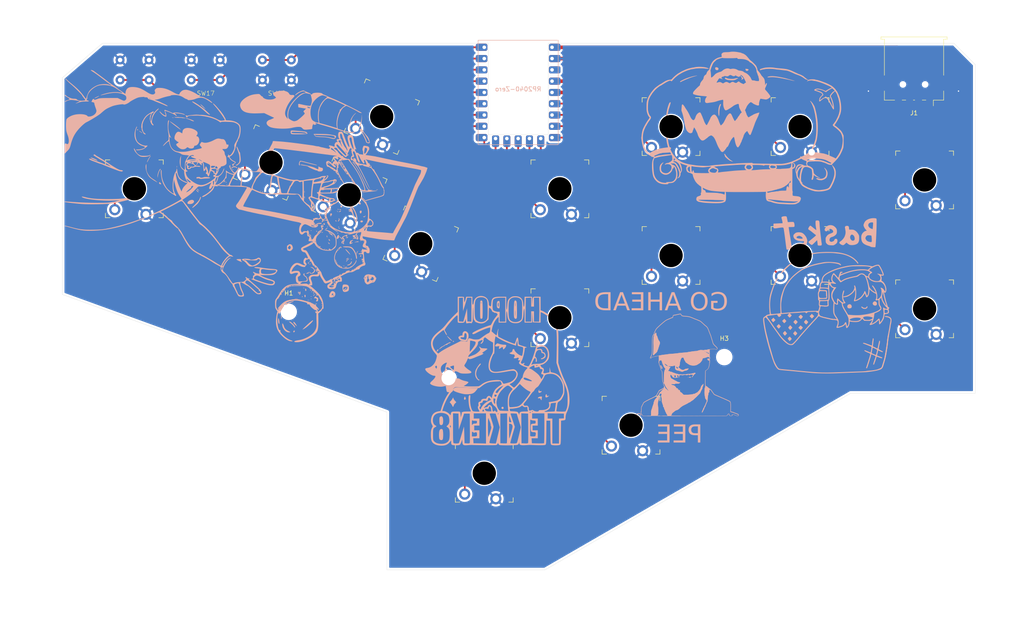
<source format=kicad_pcb>
(kicad_pcb (version 20241229) (generator "pcbnew") (generator_version "9.0")
  (layers (0 "F.Cu" signal) (2 "B.Cu" signal) (13 "F.Paste" user) (15 "B.Paste" user) (5 "F.SilkS" user "F.Silkscreen") (7 "B.SilkS" user "B.Silkscreen") (1 "F.Mask" user) (3 "B.Mask" user) (25 "Edge.Cuts" user))
  (net 0 "")
  (net 1 "/D+")
  (net 3 "/D-")
  (net 4 "+5V")
  (net 5 "GND")
  (net 6 "/Left")
  (net 7 "/Down")
  (net 8 "/Right")
  (net 9 "/W")
  (net 10 "/Space")
  (net 11 "/B3")
  (net 12 "/B4")
  (net 13 "/B1")
  (net 14 "/B2")
  (net 15 "/S2")
  (net 16 "/S1")
  (net 17 "/R1")
  (net 18 "/L1")
  (net 19 "/R3")
  (net 20 "/L3")
  (net 21 "/R2")
  (net 22 "/L2")
  (net 23 "/FUNC")
  (footprint "Library:SW_Gateron_LowProfile_THT" (layer "F.Cu") (at 188.627364 81.484873)
    (property "Reference" "SW12" (hide yes))
    (property "Value" "SW_Push" (hide yes))
  )
  (footprint "Library:6x6 vertical button" (layer "F.Cu") (at 84 39.75 180)
    (property "Reference" "SW17")
    (property "Value" "SW_Push")
  )
  (footprint "Library:SW_Gateron_LowProfile_THT" (layer "F.Cu") (at 217.627364 81.484873)
    (property "Reference" "SW13" (hide yes))
    (property "Value" "SW_Push" (hide yes))
  )
  (footprint "MountingHole:MountingHole_3.2mm_M3" (layer "F.Cu") (at 138.60832 109.08592)
    (property "Reference" "H2")
    (property "Value" "MountingHole")
  )
  (footprint "Library:SW_Gateron_LowProfile_THT" (layer "F.Cu") (at 132.347378 78.834676 -22.5)
    (property "Reference" "SW3" (hide yes))
    (property "Value" "SW_Push" (hide yes))
  )
  (footprint "Library:SW_Gateron_LowProfile_THT" (layer "F.Cu") (at 179.627364 119.671647)
    (property "Reference" "SW15" (hide yes))
    (property "Value" "SW_Push" (hide yes))
  )
  (footprint "Library:SW_Gateron_LowProfile_THT" (layer "F.Cu") (at 98.678302 60.558919 -22.5)
    (property "Reference" "SW1" (hide yes))
    (property "Value" "SW_Push" (hide yes))
  )
  (footprint "Library:SW_Gateron_LowProfile_THT" (layer "F.Cu") (at 245.627364 64.484873)
    (property "Reference" "SW10" (hide yes))
    (property "Value" "SW_Push" (hide yes))
  )
  (footprint "MountingHole:MountingHole_3.2mm_M3" (layer "F.Cu") (at 200.587364 104.355434)
    (property "Reference" "H3")
    (property "Value" "MountingHole")
  )
  (footprint "Library:SW_Gateron_LowProfile_THT" (layer "F.Cu") (at 188.627364 52.484873)
    (property "Reference" "SW8" (hide yes))
    (property "Value" "SW_Push" (hide yes))
  )
  (footprint "Library:6x6 vertical button" (layer "F.Cu") (at 68 39.75 180)
    (property "Reference" "SW16")
    (property "Value" "SW_Push")
  )
  (footprint "MountingHole:MountingHole_3.2mm_M3" (layer "F.Cu") (at 102.663706 94.162963)
    (property "Reference" "H1")
    (property "Value" "MountingHole")
  )
  (footprint "Library:SW_Gateron_LowProfile_THT" (layer "F.Cu") (at 116.278207 67.849038 -22.5)
    (property "Reference" "SW2" (hide yes))
    (property "Value" "SW_Push" (hide yes))
  )
  (footprint "Library:SW_Gateron_LowProfile_THT" (layer "F.Cu") (at 217.627364 52.484873)
    (property "Reference" "SW9" (hide yes))
    (property "Value" "SW_Push" (hide yes))
  )
  (footprint "Connector_USB:USB_A_TE_292303-7_Horizontal" (layer "F.Cu") (at 243.25 40 180)
    (property "Reference" "J1")
    (property "Value" "USB_A")
  )
  (footprint "Library:SW_Gateron_LowProfile_THT" (layer "F.Cu") (at 163.627364 66.484873)
    (property "Reference" "SW7" (hide yes))
    (property "Value" "SW_Push" (hide yes))
  )
  (footprint "Library:SW_Gateron_LowProfile_THT" (layer "F.Cu") (at 163.627364 95.484873)
    (property "Reference" "SW11" (hide yes))
    (property "Value" "SW_Push" (hide yes))
  )
  (footprint "Library:SW_Gateron_LowProfile_THT" (layer "F.Cu") (at 123.568326 50.249133 -22.5)
    (property "Reference" "SW4" (hide yes))
    (property "Value" "SW_Push" (hide yes))
  )
  (footprint "Library:SW_Gateron_LowProfile_THT" (layer "F.Cu") (at 245.627364 93.484873)
    (property "Reference" "SW14" (hide yes))
    (property "Value" "SW_Push" (hide yes))
  )
  (footprint "Library:6x6 vertical button" (layer "F.Cu") (at 100 39.75)
    (property "Reference" "SW18")
    (property "Value" "SW_Push")
  )
  (footprint "Library:SW_Gateron_LowProfile_THT" (layer "F.Cu") (at 146.627364 130.484873)
    (property "Reference" "SW6" (hide yes))
    (property "Value" "SW_Push" (hide yes))
  )
  (footprint "Library:SW_Gateron_LowProfile_THT" (layer "F.Cu") (at 67.958288 66.476569)
    (property "Reference" "SW5" (hide yes))
    (property "Value" "SW_Push" (hide yes))
  )
  (footprint "Waveshare:RP2040-Zero" (layer "B.Cu") (at 154.246102 43.8 180)
    (property "Reference" "RZ1")
    (property "Value" "RP2040-Zero")
  )
  (gr_poly (pts (xy 116.232868 82.189143) (xy 116.23876 82.189773) (xy 116.243975 82.19081) (xy 116.248518 82.192243) (xy 116.252396 82.194062) (xy 116.255616 82.196258) (xy 116.258183 82.198818) (xy 116.260105 82.201734) (xy 116.261386 82.204995) (xy 116.262034 82.208589) (xy 116.262055 82.212508) (xy 116.261455 82.21674) (xy 116.26024 82.221275) (xy 116.258417 82.226102) (xy 116.255991 82.231212) (xy 116.25297 82.236594) (xy 116.245166 82.248132) (xy 116.235053 82.260633) (xy 116.222683 82.274013) (xy 116.208106 82.288189) (xy 116.191372 82.303079) (xy 116.17253 82.318599) (xy 116.151632 82.334666) (xy 116.128728 82.351196) (xy 116.104284 82.368929) (xy 116.078874 82.388524) (xy 116.052699 82.409778) (xy 116.025961 82.432489) (xy 115.998862 82.456456) (xy 115.971605 82.481477) (xy 115.944391 82.507349) (xy 115.917423 82.533871) (xy 115.890901 82.56084) (xy 115.86503 82.588054) (xy 115.840009 82.615311) (xy 115.816042 82.64241) (xy 115.79333 82.669148) (xy 115.772075 82.695324) (xy 115.75248 82.720734) (xy 115.734746 82.745178) (xy 115.726428 82.756878) (xy 115.718216 82.768082) (xy 115.710119 82.778782) (xy 115.702149 82.788974) (xy 115.694315 82.79865) (xy 115.686629 82.807806) (xy 115.6791 82.816433) (xy 115.67174 82.824527) (xy 115.664557 82.832081) (xy 115.657563 82.839089) (xy 115.650769 82.845544) (xy 115.644183 82.851441) (xy 115.637818 82.856773) (xy 115.631683 82.861534) (xy 115.625789 82.865718) (xy 115.620146 82.869319) (xy 115.614764 82.87233) (xy 115.609654 82.874746) (xy 115.604827 82.876559) (xy 115.600292 82.877764) (xy 115.59606 82.878355) (xy 115.594061 82.878418) (xy 115.592141 82.878325) (xy 115.590303 82.878076) (xy 115.588547 82.877669) (xy 115.586874 82.877104) (xy 115.585286 82.87638) (xy 115.583785 82.875496) (xy 115.582371 82.874451) (xy 115.581045 82.873245) (xy 115.57981 82.871878) (xy 115.578666 82.870347) (xy 115.577615 82.868652) (xy 115.576658 82.866793) (xy 115.575796 82.864769) (xy 115.574362 82.860222) (xy 115.573326 82.855005) (xy 115.572696 82.849111) (xy 115.572484 82.842535) (xy 115.573866 82.825352) (xy 115.577915 82.806522) (xy 115.584488 82.786189) (xy 115.593441 82.764497) (xy 115.60463 82.741588) (xy 115.617911 82.717608) (xy 115.650174 82.667008) (xy 115.689079 82.613845) (xy 115.733476 82.559271) (xy 115.782214 82.504434) (xy 115.834141 82.450487) (xy 115.888107 82.398579) (xy 115.942962 82.349859) (xy 115.997554 82.30548) (xy 116.050732 82.26659) (xy 116.101346 82.234339) (xy 116.125331 82.221064) (xy 116.148244 82.209879) (xy 116.169941 82.20093) (xy 116.190277 82.19436) (xy 116.209109 82.190312) (xy 116.226293 82.188931)) (fill yes) (layer "B.SilkS"))
  (gr_poly (pts (xy 77.181652 49.74585) (xy 77.235075 49.780697) (xy 77.282839 49.812855) (xy 77.32499 49.842385) (xy 77.343976 49.856183) (xy 77.361575 49.869347) (xy 77.377794 49.881884) (xy 77.392639 49.893802) (xy 77.406115 49.905109) (xy 77.418229 49.915811) (xy 77.428985 49.925918) (xy 77.43839 49.935436) (xy 77.44645 49.944373) (xy 77.45317 49.952736) (xy 77.458556 49.960534) (xy 77.462613 49.967774) (xy 77.465349 49.974462) (xy 77.466767 49.980608) (xy 77.466985 49.98348) (xy 77.466875 49.986219) (xy 77.466439 49.988826) (xy 77.465677 49.991301) (xy 77.464591 49.993647) (xy 77.463181 49.995864) (xy 77.461447 49.997953) (xy 77.45939 49.999914) (xy 77.454312 50.003459) (xy 77.447952 50.006507) (xy 77.440315 50.009065) (xy 77.431408 50.01114) (xy 77.421236 50.012742) (xy 77.409805 50.013876) (xy 77.397121 50.014551) (xy 77.38319 50.014774) (xy 77.378342 50.014476) (xy 77.373036 50.013589) (xy 77.361118 50.010113) (xy 77.347586 50.004463) (xy 77.332588 49.996756) (xy 77.316273 49.987109) (xy 77.298789 49.975641) (xy 77.280284 49.962468) (xy 77.260908 49.947708) (xy 77.240809 49.931478) (xy 77.220135 49.913895) (xy 77.199036 49.895078) (xy 77.177659 49.875142) (xy 77.156154 49.854207) (xy 77.134669 49.832388) (xy 77.113353 49.809803) (xy 77.092354 49.786571) (xy 76.89061 49.558575)) (fill yes) (layer "B.SilkS"))
  (gr_poly (pts (xy 197.31649 102.569853) (xy 197.307687 102.570416) (xy 197.288077 102.57128) (xy 197.268934 102.572155) (xy 197.260715 102.572731) (xy 197.254027 102.573472) (xy 197.182811 102.584399) (xy 197.110272 102.596525) (xy 197.038434 102.609446) (xy 196.969322 102.622759) (xy 196.90496 102.63606) (xy 196.847373 102.648947) (xy 196.798585 102.661016) (xy 196.76062 102.671864) (xy 196.742484 102.677336) (xy 196.724069 102.682354) (xy 196.705436 102.686909) (xy 196.686643 102.690997) (xy 196.667749 102.694612) (xy 196.648814 102.697747) (xy 196.629897 102.700397) (xy 196.611057 102.702556) (xy 196.592353 102.704217) (xy 196.573844 102.705375) (xy 196.555589 102.706024) (xy 196.537647 102.706158) (xy 196.520079 102.705771) (xy 196.502941 102.704857) (xy 196.486295 102.703409) (xy 196.470198 102.701423) (xy 196.452875 102.699257) (xy 196.435446 102.697696) (xy 196.417896 102.696741) (xy 196.400211 102.696395) (xy 196.382373 102.696659) (xy 196.364369 102.697536) (xy 196.346184 102.699027) (xy 196.327801 102.701133) (xy 196.309206 102.703858) (xy 196.290383 102.707202) (xy 196.271318 102.711168) (xy 196.251995 102.715757) (xy 196.232399 102.720972) (xy 196.212514 102.726814) (xy 196.192326 102.733285) (xy 196.171819 102.740387) (xy 196.121139 102.75738) (xy 196.097147 102.76427) (xy 196.073367 102.770125) (xy 196.049285 102.774973) (xy 196.024385 102.778841) (xy 195.998154 102.781757) (xy 195.970076 102.783747) (xy 195.939637 102.784839) (xy 195.906323 102.78506) (xy 195.829009 102.783) (xy 195.734016 102.777786) (xy 195.617228 102.769636) (xy 195.491422 102.76076) (xy 195.390465 102.755359) (xy 195.346994 102.754154) (xy 195.306962 102.754051) (xy 195.269445 102.755126) (xy 195.233518 102.757457) (xy 195.198256 102.761121) (xy 195.162736 102.766196) (xy 195.126032 102.772759) (xy 195.087222 102.780888) (xy 195.045379 102.790661) (xy 194.999579 102.802155) (xy 194.892414 102.830614) (xy 194.824371 102.849286) (xy 194.758562 102.867888) (xy 194.696593 102.885927) (xy 194.640071 102.902913) (xy 194.590604 102.918354) (xy 194.549799 102.93176) (xy 194.519263 102.94264) (xy 194.508348 102.94698) (xy 194.500603 102.950503) (xy 194.492882 102.953632) (xy 194.482036 102.956818) (xy 194.451764 102.963267) (xy 194.411377 102.969669) (xy 194.362463 102.975843) (xy 194.306614 102.981608) (xy 194.245417 102.986782) (xy 194.180463 102.991185) (xy 194.11334 102.994635) (xy 194.041167 102.998486) (xy 193.961741 103.004046) (xy 193.877665 103.011053) (xy 193.791541 103.019243) (xy 193.705975 103.028356) (xy 193.623568 103.03813) (xy 193.546926 103.048302) (xy 193.47865 103.05861) (xy 193.167371 103.107562) (xy 192.849438 103.155142) (xy 192.707605 103.176962) (xy 192.559959 103.201961) (xy 192.423959 103.227063) (xy 192.365784 103.238692) (xy 192.317067 103.249193) (xy 192.267689 103.259126) (xy 192.207616 103.269128) (xy 192.139166 103.278925) (xy 192.064655 103.288246) (xy 191.986401 103.29682) (xy 191.90672 103.304375) (xy 191.82793 103.310638) (xy 191.752347 103.315339) (xy 191.589074 103.325014) (xy 191.406901 103.337627) (xy 191.228056 103.351549) (xy 191.074766 103.365155) (xy 190.7663 103.395979) (xy 190.4778 103.426133) (xy 190.357299 103.440325) (xy 190.231956 103.457058) (xy 190.116597 103.474245) (xy 190.067293 103.482357) (xy 190.026044 103.489798) (xy 189.977881 103.497606) (xy 189.908761 103.506765) (xy 189.720617 103.527799) (xy 189.48755 103.550219) (xy 189.235498 103.571344) (xy 188.693639 103.614879) (xy 188.251786 103.652889) (xy 188.175013 103.66034) (xy 188.098911 103.668463) (xy 188.025468 103.676996) (xy 187.95667 103.685678) (xy 187.894505 103.694247) (xy 187.840961 103.702441) (xy 187.798024 103.709999) (xy 187.767681 103.716658) (xy 187.737335 103.723316) (xy 187.694386 103.730876) (xy 187.640821 103.739076) (xy 187.578626 103.747656) (xy 187.43629 103.764904) (xy 187.283266 103.78053) (xy 187.126459 103.796064) (xy 186.97382 103.813058) (xy 186.842812 103.829446) (xy 186.790876 103.836767) (xy 186.750896 103.843162) (xy 186.283017 103.925327) (xy 186.189083 103.94308) (xy 186.082845 103.96494) (xy 185.855136 104.013901) (xy 185.855136 105.696382) (xy 185.962003 105.696382) (xy 185.95026 105.644157) (xy 185.944609 105.617969) (xy 185.939437 105.592069) (xy 185.934994 105.566708) (xy 185.931527 105.54214) (xy 185.930237 105.530233) (xy 185.929285 105.518618) (xy 185.928701 105.507328) (xy 185.928518 105.496394) (xy 185.928898 105.478603) (xy 185.929881 105.460704) (xy 185.931458 105.442737) (xy 185.933618 105.424742) (xy 185.93635 105.406759) (xy 185.939643 105.388829) (xy 185.943488 105.370992) (xy 185.947874 105.353287) (xy 185.95279 105.335756) (xy 185.958226 105.318439) (xy 185.964172 105.301375) (xy 185.970616 105.284605) (xy 185.977549 105.268169) (xy 185.98496 105.252108) (xy 185.992839 105.236461) (xy 186.001174 105.221269) (xy 186.025159 105.18027) (xy 186.035757 105.163598) (xy 186.045932 105.149233) (xy 186.056063 105.136994) (xy 186.06123 105.131614) (xy 186.066529 105.126698) (xy 186.072008 105.122222) (xy 186.077712 105.118163) (xy 186.08369 105.114499) (xy 186.08999 105.111207) (xy 186.096658 105.108264) (xy 186.103742 105.105648) (xy 186.11129 105.103335) (xy 186.119349 105.101303) (xy 186.137191 105.09799) (xy 186.157646 105.095527) (xy 186.181095 105.093731) (xy 186.207917 105.092421) (xy 186.273199 105.090527) (xy 186.473083 105.085773) (xy 186.555662 105.345499) (xy 186.572237 105.398339) (xy 186.587683 105.448911) (xy 186.601665 105.496016) (xy 186.613846 105.538455) (xy 186.62389 105.57503) (xy 186.631459 105.60454) (xy 186.636217 105.625788) (xy 186.637437 105.632939) (xy 186.637828 105.637574) (xy 186.638335 105.642199) (xy 186.639897 105.649323) (xy 186.645971 105.670471) (xy 186.65562 105.699826) (xy 186.668418 105.736196) (xy 186.701743 105.825215) (xy 186.742524 105.927996) (xy 186.764135 105.980067) (xy 186.785247 106.029064) (xy 186.805332 106.073885) (xy 186.82386 106.113429) (xy 186.840301 106.146596) (xy 186.847575 106.160443) (xy 186.854128 106.172283) (xy 186.859895 106.181978) (xy 186.86481 106.18939) (xy 186.868807 106.194382) (xy 186.87044 106.195928) (xy 186.871819 106.196816) (xy 186.873058 106.197429) (xy 186.874283 106.198156) (xy 186.876681 106.199934) (xy 186.878999 106.202122) (xy 186.881225 106.20469) (xy 186.883345 106.207609) (xy 186.885348 106.210848) (xy 186.887221 106.214378) (xy 186.88895 106.218171) (xy 186.890524 106.222195) (xy 186.891928 106.226422) (xy 186.893152 106.230822) (xy 186.894182 106.235366) (xy 186.895005 106.240023) (xy 186.895608 106.244765) (xy 186.89598 106.249562) (xy 186.896106 106.254384) (xy 186.896547 106.260024) (xy 186.89784 106.267221) (xy 186.899943 106.275863) (xy 186.902811 106.285842) (xy 186.910671 106.309365) (xy 186.921074 106.336905) (xy 186.933672 106.367579) (xy 186.948118 106.400502) (xy 186.964065 106.434792) (xy 186.981166 106.469565) (xy 186.990571 106.487525) (xy 187.001145 106.506576) (xy 187.025341 106.547287) (xy 187.052824 106.590363) (xy 187.082668 106.634474) (xy 187.113945 106.678286) (xy 187.145727 106.720467) (xy 187.177086 106.759686) (xy 187.207095 106.794609) (xy 187.221431 106.810914) (xy 187.235366 106.827422) (xy 187.248827 106.844018) (xy 187.261742 106.86059) (xy 187.27404 106.877024) (xy 187.285647 106.893205) (xy 187.296493 106.909022) (xy 187.306503 106.92436) (xy 187.315606 106.939105) (xy 187.32373 106.953145) (xy 187.330803 106.966365) (xy 187.336751 106.978652) (xy 187.341504 106.989892) (xy 187.344988 106.999972) (xy 187.347131 107.008779) (xy 187.347678 107.012669) (xy 187.347862 107.016198) (xy 187.347392 107.02334) (xy 187.346013 107.031331) (xy 187.343771 107.040086) (xy 187.340713 107.049518) (xy 187.336886 107.059541) (xy 187.332337 107.070069) (xy 187.32711 107.081015) (xy 187.321255 107.092294) (xy 187.314816 107.103819) (xy 187.30784 107.115504) (xy 187.300374 107.127263) (xy 187.292465 107.139009) (xy 187.284159 107.150657) (xy 187.275503 107.16212) (xy 187.266542 107.173312) (xy 187.257325 107.184146) (xy 187.244963 107.1988) (xy 187.233392 107.213751) (xy 187.222562 107.229129) (xy 187.212424 107.245065) (xy 187.202927 107.261688) (xy 187.194021 107.27913) (xy 187.185659 107.297519) (xy 187.177788 107.316987) (xy 187.17036 107.337664) (xy 187.163325 107.359679) (xy 187.156633 107.383163) (xy 187.150235 107.408246) (xy 187.144081 107.435059) (xy 187.138121 107.463731) (xy 187.126583 107.527174) (xy 187.10806 107.634381) (xy 187.087425 107.748847) (xy 187.067198 107.856863) (xy 187.049895 107.94472) (xy 187.046554 107.965642) (xy 187.043319 107.994653) (xy 187.037152 108.073377) (xy 187.031362 108.173762) (xy 187.025917 108.288678) (xy 187.025917 110.203393) (xy 187.097644 110.203393) (xy 187.097644 110.336408) (xy 187.098424 110.338242) (xy 187.099169 110.339833) (xy 187.099885 110.341217) (xy 187.100575 110.34243) (xy 187.101244 110.343509) (xy 187.101898 110.344487) (xy 187.103177 110.346289) (xy 187.103812 110.347184) (xy 187.104449 110.348123) (xy 187.105095 110.34914) (xy 187.105752 110.350272) (xy 187.106427 110.351555) (xy 187.107123 110.353025) (xy 187.107846 110.354716) (xy 187.1086 110.356666) (xy 187.120831 110.388494) (xy 187.133933 110.420199) (xy 187.147498 110.450941) (xy 187.161118 110.479883) (xy 187.174388 110.506186) (xy 187.180765 110.518087) (xy 187.186901 110.529014) (xy 187.192746 110.538863) (xy 187.198249 110.547528) (xy 187.203359 110.554906) (xy 187.208025 110.560891) (xy 187.212399 110.566203) (xy 187.216652 110.571607) (xy 187.220761 110.577066) (xy 187.224705 110.582539) (xy 187.22846 110.587991) (xy 187.232006 110.593381) (xy 187.235319 110.598672) (xy 187.238377 110.603825) (xy 187.241159 110.608803) (xy 187.243642 110.613567) (xy 187.245804 110.618078) (xy 187.247623 110.622299) (xy 187.249076 110.626191) (xy 187.250141 110.629716) (xy 187.250797 110.632836) (xy 187.250964 110.634232) (xy 187.25102 110.635512) (xy 187.251469 110.638875) (xy 187.252785 110.644013) (xy 187.257842 110.659187) (xy 187.265839 110.680183) (xy 187.276422 110.70615) (xy 187.289235 110.736239) (xy 187.303927 110.769599) (xy 187.320142 110.805381) (xy 187.337526 110.842734) (xy 187.357118 110.882897) (xy 187.379657 110.926732) (xy 187.404345 110.972824) (xy 187.430383 111.019758) (xy 187.45697 111.06612) (xy 187.483308 111.110494) (xy 187.508596 111.151467) (xy 187.532037 111.187623) (xy 187.582599 111.261725) (xy 187.640525 111.344222) (xy 187.698674 111.425056) (xy 187.749904 111.494167) (xy 187.773344 111.524819) (xy 187.797792 111.556283) (xy 187.846839 111.618067) (xy 187.869999 111.646601) (xy 187.891292 111.672369) (xy 187.909997 111.694478) (xy 187.925397 111.712035) (xy 187.93926 111.727939) (xy 187.953557 111.745315) (xy 187.967878 111.763601) (xy 187.981811 111.782237) (xy 187.994945 111.800664) (xy 188.006869 111.81832) (xy 188.017172 111.834646) (xy 188.021588 111.842135) (xy 188.025443 111.849081) (xy 188.027177 111.852387) (xy 188.028816 111.855652) (xy 188.030359 111.858872) (xy 188.031806 111.862042) (xy 188.033156 111.865157) (xy 188.03441 111.868215) (xy 188.035566 111.871211) (xy 188.036625 111.87414) (xy 188.037585 111.876998) (xy 188.038448 111.879782) (xy 188.039211 111.882487) (xy 188.039874 111.885109) (xy 188.040438 111.887643) (xy 188.040902 111.890086) (xy 188.041266 111.892434) (xy 188.041528 111.894682) (xy 188.041688 111.896826) (xy 188.041747 111.898861) (xy 188.041704 111.900785) (xy 188.041558 111.902592) (xy 188.041309 111.904278) (xy 188.040956 111.90584) (xy 188.0405 111.907273) (xy 188.039939 111.908572) (xy 188.039273 111.909735) (xy 188.038502 111.910755) (xy 188.037626 111.911631) (xy 188.036643 111.912356) (xy 188.035554 111.912928) (xy 188.034358 111.913341) (xy 188.033055 111.913592) (xy 188.031644 111.913677) (xy 188.027846 111.912874) (xy 188.022377 111.910521) (xy 188.015342 111.906694) (xy 188.006845 111.901475) (xy 187.985882 111.887175) (xy 187.960321 111.868255) (xy 187.930996 111.845349) (xy 187.898738 111.819092) (xy 187.864383 111.790117) (xy 187.828762 111.759061) (xy 187.681888 111.629331) (xy 187.573688 111.534578) (xy 187.535298 111.501631) (xy 187.490406 111.463525) (xy 187.444599 111.424978) (xy 187.403466 111.390711) (xy 187.394272 111.382772) (xy 187.385191 111.374284) (xy 187.376278 111.365323) (xy 187.367585 111.355967) (xy 187.359165 111.346291) (xy 187.351072 111.336373) (xy 187.343358 111.32629) (xy 187.336078 111.316118) (xy 187.329283 111.305933) (xy 187.323028 111.295813) (xy 187.317366 111.285835) (xy 187.312349 111.276074) (xy 187.308031 111.266608) (xy 187.304465 111.257514) (xy 187.301705 111.248868) (xy 187.299803 111.240746) (xy 187.298024 111.23243) (xy 187.295625 111.223213) (xy 187.292647 111.213192) (xy 187.289131 111.202461) (xy 187.280648 111.179258) (xy 187.270506 111.154371) (xy 187.259033 111.128571) (xy 187.246557 111.102624) (xy 187.233407 111.0773) (xy 187.219911 111.053367) (xy 187.213214 111.041807) (xy 187.206705 111.030161) (xy 187.200418 111.018506) (xy 187.194386 111.006919) (xy 187.188643 110.99548) (xy 187.183223 110.984266) (xy 187.178159 110.973355) (xy 187.173485 110.962824) (xy 187.169235 110.952753) (xy 187.165443 110.943218) (xy 187.162141 110.934298) (xy 187.159365 110.92607) (xy 187.157146 110.918613) (xy 187.15552 110.912005) (xy 187.15452 110.906323) (xy 187.154179 110.901645) (xy 187.153808 110.898876) (xy 187.152738 110.895209) (xy 187.151035 110.890726) (xy 187.148763 110.885506) (xy 187.142773 110.873186) (xy 187.135285 110.858899) (xy 187.117895 110.827025) (xy 187.109031 110.81074) (xy 187.100745 110.795088) (xy 187.028605 110.795088) (xy 187.028605 111.517628) (xy 186.892592 111.517628) (xy 186.89233 111.517726) (xy 186.892057 111.517863) (xy 186.891773 111.518036) (xy 186.891478 111.518243) (xy 186.891174 111.51848) (xy 186.890862 111.518746) (xy 186.890216 111.519349) (xy 186.889546 111.520032) (xy 186.888861 111.520771) (xy 186.88747 111.52233) (xy 186.886099 111.523851) (xy 186.885439 111.524542) (xy 186.884805 111.525157) (xy 186.884204 111.525673) (xy 186.883918 111.525888) (xy 186.883643 111.52607) (xy 186.88338 111.526216) (xy 186.883129 111.526324) (xy 186.882893 111.52639) (xy 186.88267 111.526413) (xy 186.880466 111.526708) (xy 186.87781 111.527584) (xy 186.871194 111.531021) (xy 186.862938 111.536608) (xy 186.853156 111.544228) (xy 186.841964 111.553767) (xy 186.829476 111.565109) (xy 186.801072 111.592739) (xy 186.768864 111.626192) (xy 186.73377 111.664543) (xy 186.69671 111.706867) (xy 186.658601 111.752239) (xy 186.620697 111.797615) (xy 186.584221 111.83995) (xy 186.566793 111.859688) (xy 186.550051 111.878318) (xy 186.534106 111.895724) (xy 186.519067 111.91179) (xy 186.505044 111.926401) (xy 186.492147 111.939439) (xy 186.480485 111.95079) (xy 186.470169 111.960337) (xy 186.461309 111.967965) (xy 186.454013 111.973557) (xy 186.450987 111.975553) (xy 186.448393 111.976997) (xy 186.446246 111.977874) (xy 186.444558 111.978169) (xy 186.443089 111.978246) (xy 186.44159 111.978474) (xy 186.440065 111.97885) (xy 186.438517 111.97937) (xy 186.435361 111.980825) (xy 186.432146 111.982811) (xy 186.428897 111.985296) (xy 186.425638 111.98825) (xy 186.422392 111.991644) (xy 186.419183 111.995447) (xy 186.416036 111.999629) (xy 186.412974 112.004159) (xy 186.410022 112.009009) (xy 186.407203 112.014146) (xy 186.404541 112.019542) (xy 186.402061 112.025166) (xy 186.399785 112.030987) (xy 186.397739 112.036977) (xy 186.395171 112.043341) (xy 186.391364 112.050264) (xy 186.386394 112.057678) (xy 186.380337 112.065516) (xy 186.373268 112.07371) (xy 186.365263 112.082194) (xy 186.356397 112.090899) (xy 186.346747 112.099759) (xy 186.336387 112.108707) (xy 186.325394 112.117675) (xy 186.313842 112.126595) (xy 186.301808 112.135401) (xy 186.289367 112.144024) (xy 186.276594 112.152399) (xy 186.263566 112.160457) (xy 186.250358 112.168131) (xy 186.233045 112.178236) (xy 186.216689 112.188577) (xy 186.201228 112.199226) (xy 186.1866 112.210257) (xy 186.172744 112.221741) (xy 186.159597 112.233752) (xy 186.147099 112.24636) (xy 186.135186 112.25964) (xy 186.123798 112.273662) (xy 186.112872 112.2885) (xy 186.102347 112.304226) (xy 186.092162 112.320913) (xy 186.082253 112.338632) (xy 186.07256 112.357457) (xy 186.063021 112.377459) (xy 186.053574 112.398711) (xy 186.046406 112.415026) (xy 186.038981 112.43126) (xy 186.031358 112.447316) (xy 186.023596 112.463091) (xy 186.015751 112.478487) (xy 186.007882 112.493403) (xy 186.000047 112.507739) (xy 185.992303 112.521394) (xy 185.984709 112.53427) (xy 185.977322 112.546266) (xy 185.970202 112.557281) (xy 185.963404 112.567216) (xy 185.956988 112.575971) (xy 185.951012 112.583445) (xy 185.945533 112.589539) (xy 185.940609 112.594152) (xy 185.936039 112.598334) (xy 185.931597 112.603162) (xy 185.927307 112.608577) (xy 185.92319 112.614522) (xy 185.919271 112.620941) (xy 185.915573 112.627774) (xy 185.912117 112.634965) (xy 185.908928 112.642457) (xy 185.906028 112.650191) (xy 185.90344 112.65811) (xy 185.901187 112.666156) (xy 185.899292 112.674273) (xy 185.897779 112.682402) (xy 185.896669 112.690486) (xy 185.895986 112.698468) (xy 185.895754 112.70629) (xy 185.895445 112.714138) (xy 185.894541 112.722196) (xy 185.89307 112.730404) (xy 185.891064 112.738702) (xy 185.888552 112.747029) (xy 185.885567 112.755326) (xy 185.882137 112.763533) (xy 185.878294 112.771588) (xy 185.874068 112.779433) (xy 185.86949 112.787006) (xy 185.864589 112.794249) (xy 185.859398 112.8011) (xy 185.853945 112.8075) (xy 185.848262 112.813388) (xy 185.842379 112.818704) (xy 185.839372 112.821129) (xy 185.836326 112.823389) (xy 185.830055 112.828102) (xy 185.823531 112.833503) (xy 185.816806 112.839529) (xy 185.809931 112.846118) (xy 185.802959 112.853206) (xy 185.795943 112.86073) (xy 185.788933 112.868629) (xy 185.781981 112.876838) (xy 185.775141 112.885296) (xy 185.768464 112.893939) (xy 185.762001 112.902705) (xy 185.755805 112.91153) (xy 185.749929 112.920352) (xy 185.744422 112.929108) (xy 185.739339 112.937736) (xy 185.734731 112.946171) (xy 185.730322 112.954473) (xy 185.725823 112.962708) (xy 185.716688 112.978773) (xy 185.707583 112.99397) (xy 185.703124 113.001119) (xy 185.698769 113.007901) (xy 185.694551 113.014268) (xy 185.690502 113.020169) (xy 185.686656 113.025554) (xy 185.683043 113.030375) (xy 185.679697 113.034581) (xy 185.67665 113.038122) (xy 185.673934 113.040949) (xy 185.671582 113.043013) (xy 185.66782 113.047361) (xy 185.660561 113.056899) (xy 185.638899 113.086542) (xy 185.613295 113.121939) (xy 185.59045 113.153084) (xy 185.59045 113.231322) (xy 185.532676 113.231322) (xy 185.523379 113.244073) (xy 185.515628 113.254489) (xy 185.502458 113.271843) (xy 185.495887 113.280543) (xy 185.488558 113.290434) (xy 185.479894 113.302396) (xy 185.46932 113.317312) (xy 185.430534 113.371717) (xy 185.389788 113.4274) (xy 185.3483 113.482793) (xy 185.30729 113.536325) (xy 185.267975 113.586426) (xy 185.231574 113.631525) (xy 185.199305 113.670054) (xy 185.172387 113.700441) (xy 185.149173 113.726017) (xy 185.127518 113.750756) (xy 185.107894 113.774051) (xy 185.098993 113.784968) (xy 185.090777 113.795299) (xy 185.083306 113.804966) (xy 185.076639 113.813894) (xy 185.070836 113.822008) (xy 185.065955 113.829232) (xy 185.062055 113.835491) (xy 185.059197 113.840709) (xy 185.057438 113.84481) (xy 185.05699 113.846418) (xy 185.056839 113.847719) (xy 185.056336 113.850459) (xy 185.054861 113.854067) (xy 185.052464 113.858484) (xy 185.049194 113.86365) (xy 185.045102 113.869506) (xy 185.040236 113.875994) (xy 185.028384 113.890629) (xy 185.014036 113.907083) (xy 184.99759 113.924885) (xy 184.979445 113.943564) (xy 184.959997 113.962647) (xy 184.946646 113.975781) (xy 184.93447 113.98851) (xy 184.923426 114.000932) (xy 184.913471 114.013143) (xy 184.904561 114.02524) (xy 184.896653 114.03732) (xy 184.889704 114.049479) (xy 184.88367 114.061815) (xy 184.878508 114.074423) (xy 184.874175 114.087401) (xy 184.870628 114.100846) (xy 184.867822 114.114853) (xy 184.865716 114.12952) (xy 184.864265 114.144944) (xy 184.863426 114.161221) (xy 184.863156 114.178448) (xy 184.862893 114.193277) (xy 184.862106 114.207754) (xy 184.8608 114.221864) (xy 184.858981 114.235594) (xy 184.856651 114.248932) (xy 184.853816 114.261863) (xy 184.85048 114.274375) (xy 184.846648 114.286455) (xy 184.842324 114.298089) (xy 184.837512 114.309263) (xy 184.832218 114.319966) (xy 184.826446 114.330183) (xy 184.8202 114.339901) (xy 184.813484 114.349107) (xy 184.806304 114.357788) (xy 184.798664 114.36593) (xy 184.790814 114.374285) (xy 184.783479 114.383138) (xy 184.776657 114.39249) (xy 184.770346 114.402346) (xy 184.764547 114.412707) (xy 184.759258 114.423577) (xy 184.754477 114.434958) (xy 184.750204 114.446853) (xy 184.746438 114.459265) (xy 184.743177 114.472197) (xy 184.740421 114.485651) (xy 184.738168 114.49963) (xy 184.736418 114.514137) (xy 184.735169 114.529175) (xy 184.734421 114.544746) (xy 184.734172 114.560853) (xy 184.733568 114.575926) (xy 184.731797 114.594094) (xy 184.724989 114.638739) (xy 184.714227 114.692837) (xy 184.699987 114.754435) (xy 184.682747 114.821581) (xy 184.662984 114.892324) (xy 184.641174 114.964712) (xy 184.617796 115.036793) (xy 184.593901 115.106873) (xy 184.570614 115.173525) (xy 184.548514 115.235199) (xy 184.528185 115.290346) (xy 184.510208 115.337415) (xy 184.495164 115.374856) (xy 184.483635 115.401118) (xy 184.479371 115.409573) (xy 184.476203 115.414651) (xy 184.473524 115.41869) (xy 184.470695 115.424094) (xy 184.467739 115.430772) (xy 184.464681 115.438632) (xy 184.458355 115.457538) (xy 184.451912 115.480083) (xy 184.445547 115.505541) (xy 184.439455 115.533183) (xy 184.43383 115.562281) (xy 184.428867 115.592108) (xy 184.42336 115.623583) (xy 184.416175 115.657405) (xy 184.407618 115.692514) (xy 184.397991 115.727851) (xy 184.387599 115.762356) (xy 184.376745 115.794969) (xy 184.365733 115.824632) (xy 184.360262 115.838025) (xy 184.354866 115.850284) (xy 184.342783 115.878241) (xy 184.328285 115.914512) (xy 184.294232 116.005904) (xy 184.257087 116.112271) (xy 184.221231 116.221424) (xy 184.199641 116.293098) (xy 184.181762 116.360916) (xy 184.167289 116.426938) (xy 184.161235 116.459918) (xy 184.155918 116.493221) (xy 184.147343 116.561826) (xy 184.141259 116.634812) (xy 184.137361 116.714238) (xy 184.135345 116.802164) (xy 184.130948 117.088653) (xy 184.126146 117.324302) (xy 184.125237 117.356012) (xy 184.124166 117.384273) (xy 184.122856 117.409303) (xy 184.121228 117.431318) (xy 184.12027 117.441262) (xy 184.119204 117.450535) (xy 184.118019 117.459162) (xy 184.116706 117.46717) (xy 184.115255 117.474588) (xy 184.113655 117.481442) (xy 184.111898 117.487759) (xy 184.109974 117.493566) (xy 184.107872 117.498891) (xy 184.105584 117.50376) (xy 184.103098 117.508201) (xy 184.100406 117.51224) (xy 184.097498 117.515905) (xy 184.094363 117.519223) (xy 184.090992 117.522221) (xy 184.087376 117.524927) (xy 184.083504 117.527366) (xy 184.079367 117.529567) (xy 184.074955 117.531556) (xy 184.070258 117.53336) (xy 184.065266 117.535007) (xy 184.05997 117.536524) (xy 184.054359 117.537938) (xy 184.048425 117.539276) (xy 184.040294 117.540793) (xy 184.030949 117.542132) (xy 184.009057 117.544275) (xy 183.983627 117.545692) (xy 183.955538 117.546375) (xy 183.92567 117.546313) (xy 183.8949 117.545494) (xy 183.864109 117.54391) (xy 183.834175 117.54155) (xy 183.762078 117.538644) (xy 183.635339 117.536544) (xy 183.316997 117.533178) (xy 183.316997 117.590952) (xy 186.092848 117.590952) (xy 186.092848 117.522533) (xy 185.853228 117.51488) (xy 185.743425 117.51132) (xy 185.706039 117.509716) (xy 185.686051 117.50827) (xy 185.659136 117.504332) (xy 185.632119 117.499933) (xy 185.605725 117.49522) (xy 185.580684 117.490341) (xy 185.557723 117.485443) (xy 185.537569 117.480671) (xy 185.52095 117.476174) (xy 185.514194 117.474074) (xy 185.508594 117.472097) (xy 185.50322 117.469813) (xy 185.498974 117.467508) (xy 185.497273 117.466348) (xy 185.495854 117.465184) (xy 185.494715 117.464016) (xy 185.493858 117.462843) (xy 185.49328 117.461667) (xy 185.492983 117.460487) (xy 185.492965 117.459304) (xy 185.493226 117.458118) (xy 185.493767 117.456929) (xy 185.494586 117.455738) (xy 185.495684 117.454544) (xy 185.49706 117.453349) (xy 185.500645 117.450953) (xy 185.505339 117.448553) (xy 185.51114 117.44615) (xy 185.518044 117.443746) (xy 185.52605 117.441344) (xy 185.535155 117.438945) (xy 185.545357 117.436552) (xy 185.556653 117.434166) (xy 185.568424 117.431467) (xy 185.579817 117.428178) (xy 185.59083 117.424303) (xy 185.601459 117.419845) (xy 185.611701 117.414805) (xy 185.621551 117.409188) (xy 185.631006 117.402995) (xy 185.640062 117.396229) (xy 185.648716 117.388894) (xy 185.656965 117.380991) (xy 185.664804 117.372524) (xy 185.67223 117.363496) (xy 185.679239 117.353909) (xy 185.685828 117.343765) (xy 185.691993 117.333069) (xy 185.69773 117.321821) (xy 185.703875 117.306692) (xy 185.709482 117.287826) (xy 185.719169 117.23723) (xy 185.726956 117.166734) (xy 185.733008 117.073036) (xy 185.737494 116.952837) (xy 185.740578 116.802835) (xy 185.743206 116.400224) (xy 185.742839 116.211812) (xy 185.741313 116.04365) (xy 185.73866 115.896633) (xy 185.734917 115.77166) (xy 185.730117 115.669628) (xy 185.724294 115.591434) (xy 185.72101 115.561557) (xy 185.717483 115.537975) (xy 185.713718 115.520802) (xy 185.709719 115.510149) (xy 185.705965 115.502972) (xy 185.702662 115.49567) (xy 185.69981 115.488269) (xy 185.697411 115.480795) (xy 185.695465 115.473273) (xy 185.693973 115.465728) (xy 185.692937 115.458187) (xy 185.692357 115.450676) (xy 185.692233 115.443218) (xy 185.692568 115.435842) (xy 185.693361 115.428571) (xy 185.694614 115.421432) (xy 185.696328 115.41445) (xy 185.698503 115.407651) (xy 185.70114 115.401061) (xy 185.704242 115.394704) (xy 185.706013 115.391274) (xy 185.707633 115.387886) (xy 185.709103 115.384537) (xy 185.710421 115.381227) (xy 185.711588 115.377956) (xy 185.712603 115.374722) (xy 185.713467 115.371525) (xy 185.714179 115.368365) (xy 185.714738 115.365239) (xy 185.715146 115.362148) (xy 185.715402 115.35909) (xy 185.715505 115.356065) (xy 185.715455 115.353071) (xy 185.715253 115.350109) (xy 185.714898 115.347177) (xy 185.714389 115.344275) (xy 185.713728 115.341401) (xy 185.712913 115.338555) (xy 185.711945 115.335736) (xy 185.710824 115.332943) (xy 185.709548 115.330175) (xy 185.708119 115.327432) (xy 185.706535 115.324713) (xy 185.704798 115.322016) (xy 185.702906 115.319342) (xy 185.700859 115.316688) (xy 185.698658 115.314056) (xy 185.696302 115.311442) (xy 185.693791 115.308848) (xy 185.691125 115.306272) (xy 185.688304 115.303712) (xy 185.685328 115.301169) (xy 185.678882 115.294926) (xy 185.67298 115.287273) (xy 185.667605 115.278084) (xy 185.662738 115.267232) (xy 185.658363 115.254589) (xy 185.654461 115.240028) (xy 185.651014 115.223421) (xy 185.648006 115.204643) (xy 185.645417 115.183564) (xy 185.643232 115.160059) (xy 185.639997 115.105257) (xy 185.63816 115.039221) (xy 185.637579 114.960932) (xy 185.637747 114.930152) (xy 185.638239 114.900042) (xy 185.63904 114.870764) (xy 185.640132 114.842482) (xy 185.641499 114.815359) (xy 185.643124 114.789558) (xy 185.64499 114.765243) (xy 185.647082 114.742578) (xy 185.649383 114.721725) (xy 185.651875 114.702848) (xy 185.654542 114.68611) (xy 185.657368 114.671675) (xy 185.660337 114.659706) (xy 185.663431 114.650366) (xy 185.665019 114.646734) (xy 185.666633 114.643819) (xy 185.66827 114.641644) (xy 185.669928 114.640228) (xy 185.673214 114.637364) (xy 185.676407 114.632944) (xy 185.679492 114.627061) (xy 185.682451 114.619807) (xy 185.685268 114.611275) (xy 185.687927 114.601557) (xy 185.690411 114.590747) (xy 185.692704 114.578936) (xy 185.694788 114.566218) (xy 185.696649 114.552686) (xy 185.69963 114.523546) (xy 185.701516 114.49226) (xy 185.702174 114.459567) (xy 185.702468 114.441578) (xy 185.703335 114.423191) (xy 185.704755 114.4045) (xy 185.706706 114.385603) (xy 185.709169 114.366595) (xy 185.712121 114.347573) (xy 185.715542 114.328631) (xy 185.719411 114.309865) (xy 185.723707 114.291373) (xy 185.728409 114.273249) (xy 185.733496 114.25559) (xy 185.738948 114.238492) (xy 185.744743 114.22205) (xy 185.75086 114.20636) (xy 185.757279 114.191518) (xy 185.763979 114.177621) (xy 185.776871 114.150668) (xy 185.789806 114.120491) (xy 185.802436 114.08811) (xy 185.814413 114.054545) (xy 185.825389 114.020817) (xy 185.835016 113.987945) (xy 185.842946 113.95695) (xy 185.846167 113.942474) (xy 185.848832 113.92885) (xy 185.851358 113.915632) (xy 185.854162 113.902347) (xy 185.857214 113.889083) (xy 185.860484 113.875927) (xy 185.863944 113.862967) (xy 185.867564 113.850289) (xy 185.871314 113.837983) (xy 185.875166 113.826134) (xy 185.879089 113.81483) (xy 185.883054 113.804159) (xy 185.887033 113.794209) (xy 185.890995 113.785066) (xy 185.894911 113.776818) (xy 185.898752 113.769552) (xy 185.902488 113.763357) (xy 185.906089 113.758318) (xy 185.909627 113.751912) (xy 185.913174 113.741704) (xy 185.920205 113.71077) (xy 185.926998 113.667295) (xy 185.933369 113.613061) (xy 185.939134 113.549848) (xy 185.944107 113.479435) (xy 185.948106 113.403604) (xy 185.950945 113.324133) (xy 185.954231 113.22705) (xy 185.95624 113.183208) (xy 185.958505 113.142392) (xy 185.961037 113.104525) (xy 185.963845 113.069528) (xy 185.96694 113.03732) (xy 185.970332 113.007824) (xy 185.97403 112.98096) (xy 185.978045 112.956649) (xy 185.982386 112.934812) (xy 185.987064 112.91537) (xy 185.992088 112.898245) (xy 185.997468 112.883356) (xy 186.003215 112.870626) (xy 186.009339 112.859975) (xy 186.014202 112.852296) (xy 186.018929 112.844329) (xy 186.023496 112.836136) (xy 186.027877 112.82778) (xy 186.032049 112.819324) (xy 186.035986 112.81083) (xy 186.039665 112.802361) (xy 186.04306 112.79398) (xy 186.046148 112.785749) (xy 186.048903 112.777731) (xy 186.051302 112.769988) (xy 186.05332 112.762585) (xy 186.054932 112.755582) (xy 186.056113 112.749042) (xy 186.05684 112.743029) (xy 186.057088 112.737605) (xy 186.057127 112.735066) (xy 186.057244 112.732559) (xy 186.057435 112.730088) (xy 186.0577 112.727656) (xy 186.058037 112.725265) (xy 186.058443 112.722919) (xy 186.058916 112.720622) (xy 186.059455 112.718376) (xy 186.060057 112.716184) (xy 186.060722 112.71405) (xy 186.061446 112.711977) (xy 186.062228 112.709968) (xy 186.063066 112.708026) (xy 186.063958 112.706155) (xy 186.064903 112.704357) (xy 186.065897 112.702635) (xy 186.06694 112.700994) (xy 186.068029 112.699435) (xy 186.069162 112.697963) (xy 186.070338 112.69658) (xy 186.071555 112.695289) (xy 186.07281 112.694094) (xy 186.074101 112.692998) (xy 186.075428 112.692003) (xy 186.076787 112.691114) (xy 186.078178 112.690333) (xy 186.079597 112.689664) (xy 186.081043 112.689109) (xy 186.082514 112.688672) (xy 186.084009 112.688356) (xy 186.085525 112.688164) (xy 186.08706 112.6881) (xy 186.090736 112.687511) (xy 186.095533 112.685785) (xy 186.101374 112.682979) (xy 186.108181 112.679152) (xy 186.115878 112.674361) (xy 186.124387 112.668665) (xy 186.143536 112.65479) (xy 186.165011 112.637993) (xy 186.188196 112.618739) (xy 186.212475 112.597493) (xy 186.237232 112.574721) (xy 186.261519 112.552123) (xy 186.284452 112.531373) (xy 186.30551 112.512903) (xy 186.315174 112.504657) (xy 186.324174 112.497143) (xy 186.332444 112.490414) (xy 186.339921 112.484524) (xy 186.346538 112.479527) (xy 186.352231 112.475476) (xy 186.356935 112.472426) (xy 186.360584 112.470431) (xy 186.361993 112.469845) (xy 186.363114 112.469544) (xy 186.363939 112.469532) (xy 186.364459 112.469818) (xy 186.366957 112.473627) (xy 186.371362 112.481254) (xy 186.38491 112.506129) (xy 186.403142 112.540779) (xy 186.424094 112.581543) (xy 186.429443 112.592663) (xy 186.434641 112.604649) (xy 186.439663 112.617389) (xy 186.444481 112.63077) (xy 186.449068 112.644681) (xy 186.453397 112.659007) (xy 186.457442 112.673638) (xy 186.461175 112.68846) (xy 186.46457 112.703361) (xy 186.467599 112.718229) (xy 186.470236 112.732952) (xy 186.472455 112.747416) (xy 186.474227 112.76151) (xy 186.475526 112.775121) (xy 186.476325 112.788136) (xy 186.476597 112.800444) (xy 186.476386 112.81299) (xy 186.475763 112.825184) (xy 186.474744 112.836979) (xy 186.473344 112.848328) (xy 186.47158 112.859186) (xy 186.469466 112.869505) (xy 186.467019 112.879239) (xy 186.464254 112.888342) (xy 186.461186 112.896767) (xy 186.459544 112.90071) (xy 186.457832 112.904466) (xy 186.456053 112.90803) (xy 186.454208 112.911395) (xy 186.452299 112.914555) (xy 186.450328 112.917506) (xy 186.448297 112.92024) (xy 186.446208 112.922752) (xy 186.444064 112.925037) (xy 186.441865 112.927087) (xy 186.439614 112.928899) (xy 186.437313 112.930465) (xy 186.434964 112.931781) (xy 186.432569 112.932839) (xy 186.426572 112.935809) (xy 186.421202 112.939945) (xy 186.416448 112.945357) (xy 186.412298 112.952152) (xy 186.408739 112.960438) (xy 186.405759 112.970325) (xy 186.403347 112.981919) (xy 186.40149 112.995329) (xy 186.400176 113.010664) (xy 186.399394 113.028032) (xy 186.39913 113.047541) (xy 186.399374 113.069299) (xy 186.401335 113.119996) (xy 186.40518 113.180989) (xy 186.407075 113.204757) (xy 186.409327 113.228268) (xy 186.411907 113.251382) (xy 186.414787 113.273961) (xy 186.417935 113.295865) (xy 186.421325 113.316955) (xy 186.424926 113.337092) (xy 186.428709 113.356138) (xy 186.432645 113.373952) (xy 186.436704 113.390396) (xy 186.440858 113.405331) (xy 186.445078 113.418617) (xy 186.449333 113.430116) (xy 186.453596 113.439689) (xy 186.457836 113.447195) (xy 186.459938 113.45013) (xy 186.462024 113.452497) (xy 186.46621 113.457568) (xy 186.47044 113.464397) (xy 186.474688 113.472867) (xy 186.478922 113.482863) (xy 186.483115 113.494267) (xy 186.487238 113.506963) (xy 186.495158 113.535765) (xy 186.50245 113.568337) (xy 186.508883 113.603748) (xy 186.514226 113.641065) (xy 186.518248 113.679357) (xy 186.52486 113.775931) (xy 186.531093 113.901007) (xy 186.536251 114.038428) (xy 186.539642 114.17204) (xy 186.540504 114.211025) (xy 186.541647 114.247541) (xy 186.543079 114.281642) (xy 186.544807 114.313382) (xy 186.54684 114.342813) (xy 186.549185 114.36999) (xy 186.55185 114.394966) (xy 186.554843 114.417795) (xy 186.558172 114.438529) (xy 186.561844 114.457223) (xy 186.565868 114.47393) (xy 186.57025 114.488704) (xy 186.574999 114.501598) (xy 186.580123 114.512666) (xy 186.582828 114.517532) (xy 186.585629 114.521961) (xy 186.588528 114.525961) (xy 186.591526 114.529537) (xy 186.596251 114.535081) (xy 186.600845 114.5411) (xy 186.605282 114.547537) (xy 186.609539 114.554335) (xy 186.613592 114.561434) (xy 186.617418 114.568776) (xy 186.620993 114.576304) (xy 186.624293 114.58396) (xy 186.627293 114.591684) (xy 186.629971 114.59942) (xy 186.632303 114.607109) (xy 186.634264 114.614692) (xy 186.635831 114.622112) (xy 186.636981 114.629311) (xy 186.637688 114.63623) (xy 186.637931 114.642812) (xy 186.638259 114.649986) (xy 186.639218 114.658645) (xy 186.642901 114.679948) (xy 186.648722 114.705788) (xy 186.656423 114.735234) (xy 186.665747 114.76735) (xy 186.676435 114.801204) (xy 186.688229 114.835864) (xy 186.700873 114.870395) (xy 186.707183 114.887368) (xy 186.713112 114.904067) (xy 186.718639 114.920399) (xy 186.723741 114.936266) (xy 186.728397 114.951575) (xy 186.732584 114.966231) (xy 186.736281 114.980138) (xy 186.739466 114.9932) (xy 186.742116 115.005324) (xy 186.744211 115.016414) (xy 186.745727 115.026375) (xy 186.746643 115.035111) (xy 186.746937 115.042528) (xy 186.746587 115.048531) (xy 186.746164 115.050972) (xy 186.745571 115.053025) (xy 186.744807 115.054675) (xy 186.743867 115.055913) (xy 186.74289 115.056935) (xy 186.742017 115.057943) (xy 186.741246 115.058938) (xy 186.740576 115.059917) (xy 186.740008 115.060879) (xy 186.739538 115.061824) (xy 186.739168 115.062749) (xy 186.738895 115.063653) (xy 186.738719 115.064536) (xy 186.738639 115.065396) (xy 186.738653 115.066231) (xy 186.738761 115.067041) (xy 186.738961 115.067823) (xy 186.739253 115.068578) (xy 186.739636 115.069303) (xy 186.740109 115.069997) (xy 186.74067 115.070658) (xy 186.741319 115.071287) (xy 186.742055 115.071881) (xy 186.742877 115.072439) (xy 186.743783 115.072959) (xy 186.744773 115.073441) (xy 186.745846 115.073884) (xy 186.747 115.074285) (xy 186.748236 115.074644) (xy 186.749551 115.074959) (xy 186.750944 115.075229) (xy 186.752416 115.075453) (xy 186.753965 115.075629) (xy 186.755589 115.075757) (xy 186.757288 115.075834) (xy 186.759061 115.07586) (xy 186.760884 115.075977) (xy 186.762734 115.076321) (xy 186.764607 115.076889) (xy 186.766499 115.077673) (xy 186.770327 115.079871) (xy 186.774191 115.082869) (xy 186.778062 115.086621) (xy 186.781914 115.091082) (xy 186.785718 115.096207) (xy 186.789446 115.101948) (xy 186.793071 115.108262) (xy 186.796565 115.115102) (xy 186.799899 115.122423) (xy 186.803048 115.130179) (xy 186.805981 115.138324) (xy 186.808673 115.146813) (xy 186.811094 115.155601) (xy 186.813217 115.164641) (xy 186.817147 115.185323) (xy 186.82101 115.21014) (xy 186.824709 115.238155) (xy 186.828145 115.268429) (xy 186.831221 115.300025) (xy 186.833837 115.332004) (xy 186.835895 115.363429) (xy 186.837299 115.393361) (xy 186.838184 115.413071) (xy 186.839381 115.431135) (xy 186.840926 115.447639) (xy 186.841841 115.455332) (xy 186.842858 115.462668) (xy 186.84398 115.469655) (xy 186.845212 115.476306) (xy 186.84656 115.482631) (xy 186.848027 115.48864) (xy 186.84962 115.494344) (xy 186.851341 115.499754) (xy 186.853196 115.50488) (xy 186.85519 115.509733) (xy 186.857327 115.514324) (xy 186.859612 115.518662) (xy 186.862049 115.52276) (xy 186.864644 115.526628) (xy 186.867401 115.530275) (xy 186.870324 115.533713) (xy 186.873419 115.536953) (xy 186.876689 115.540005) (xy 186.88014 115.542879) (xy 186.883777 115.545587) (xy 186.887603 115.548139) (xy 186.891624 115.550546) (xy 186.895845 115.552818) (xy 186.900269 115.554966) (xy 186.904902 115.557) (xy 186.909749 115.558932) (xy 186.918245 115.562774) (xy 186.926614 115.567798) (xy 186.934862 115.574012) (xy 186.942994 115.581425) (xy 186.951014 115.590047) (xy 186.95893 115.599885) (xy 186.966745 115.61095) (xy 186.974466 115.62325) (xy 186.982097 115.636794) (xy 186.989644 115.651591) (xy 186.997112 115.667649) (xy 187.004508 115.684979) (xy 187.011835 115.703589) (xy 187.0191 115.723488) (xy 187.026307 115.744685) (xy 187.033462 115.767188) (xy 187.044753 115.804913) (xy 187.055288 115.842161) (xy 187.064836 115.877971) (xy 187.073166 115.911381) (xy 187.080047 115.941431) (xy 187.085248 115.967158) (xy 187.087146 115.9781) (xy 187.088538 115.987601) (xy 187.089394 115.995541) (xy 187.089686 116.001799) (xy 187.090104 116.00766) (xy 187.09133 116.014433) (xy 187.093324 116.022038) (xy 187.096043 116.030393) (xy 187.099447 116.039418) (xy 187.103494 116.049032) (xy 187.108144 116.059153) (xy 187.113355 116.069701) (xy 187.119086 116.080595) (xy 187.125296 116.091753) (xy 187.131943 116.103095) (xy 187.138987 116.114539) (xy 187.146386 116.126005) (xy 187.154098 116.137412) (xy 187.162084 116.148677) (xy 187.170301 116.159722) (xy 187.178525 116.170883) (xy 187.186528 116.18249) (xy 187.19427 116.194452) (xy 187.201709 116.206676) (xy 187.208802 116.219069) (xy 187.215508 116.23154) (xy 187.221785 116.243995) (xy 187.227591 116.256344) (xy 187.232884 116.268492) (xy 187.237623 116.280348) (xy 187.241764 116.29182) (xy 187.245267 116.302814) (xy 187.248089 116.31324) (xy 187.250189 116.323003) (xy 187.251525 116.332013) (xy 187.252054 116.340176) (xy 187.252541 116.348546) (xy 187.253752 116.35816) (xy 187.255651 116.368907) (xy 187.258198 116.380672) (xy 187.265091 116.406809) (xy 187.274131 116.435665) (xy 187.285016 116.466338) (xy 187.297447 116.497924) (xy 187.311123 116.529517) (xy 187.325744 116.560214) (xy 187.356855 116.621682) (xy 187.387823 116.681705) (xy 187.415063 116.733408) (xy 187.434988 116.769917) (xy 187.443185 116.785186) (xy 187.452488 116.803885) (xy 187.462574 116.825287) (xy 187.473124 116.848663) (xy 187.483816 116.873288) (xy 187.494329 116.898433) (xy 187.504343 116.923371) (xy 187.513536 116.947374) (xy 187.518547 116.959939) (xy 187.524842 116.974234) (xy 187.540909 117.007361) (xy 187.560989 117.045451) (xy 187.584336 117.087203) (xy 187.610201 117.131313) (xy 187.637838 117.17648) (xy 187.666499 117.2214) (xy 187.695437 117.264771) (xy 187.716113 117.295239) (xy 187.734516 117.322889) (xy 187.750721 117.347908) (xy 187.7648 117.37048) (xy 187.776826 117.390793) (xy 187.782092 117.400159) (xy 187.786872 117.409031) (xy 187.791175 117.41743) (xy 187.79501 117.42538) (xy 187.798387 117.432905) (xy 187.801314 117.440027) (xy 187.803801 117.44677) (xy 187.805856 117.453157) (xy 187.80749 117.459211) (xy 187.80871 117.464955) (xy 187.809526 117.470413) (xy 187.809948 117.475608) (xy 187.809984 117.480563) (xy 187.809643 117.485301) (xy 187.808934 117.489846) (xy 187.807867 117.49422) (xy 187.806451 117.498448) (xy 187.804695 117.502551) (xy 187.802607 117.506554) (xy 187.800198 117.51048) (xy 187.797476 117.514352) (xy 187.79445 117.518192) (xy 187.78654 117.52576) (xy 187.775515 117.532438) (xy 187.760466 117.538252) (xy 187.740481 117.543226) (xy 187.682063 117.550759) (xy 187.592982 117.55524) (xy 187.465955 117.556874) (xy 187.2937 117.555862) (xy 186.784382 117.546718) (xy 186.680409 117.5431) (xy 186.680409 117.633534) (xy 190.72502 117.633534) (xy 190.72502 117.555916) (xy 189.445305 117.543513) (xy 189.180186 117.535483) (xy 188.947321 117.52604) (xy 188.850842 117.521158) (xy 188.771857 117.516367) (xy 188.71351 117.511815) (xy 188.678943 117.50765) (xy 188.673568 117.50662) (xy 188.668261 117.505496) (xy 188.663029 117.504283) (xy 188.65788 117.502985) (xy 188.652819 117.501606) (xy 188.647853 117.500148) (xy 188.642989 117.498617) (xy 188.638234 117.497016) (xy 188.633595 117.495348) (xy 188.629078 117.493619) (xy 188.624689 117.491831) (xy 188.620436 117.489988) (xy 188.616325 117.488095) (xy 188.612364 117.486154) (xy 188.608557 117.484171) (xy 188.604913 117.482148) (xy 188.601438 117.48009) (xy 188.598139 117.478001) (xy 188.595022 117.475884) (xy 188.592094 117.473743) (xy 188.589362 117.471583) (xy 188.586832 117.469406) (xy 188.584512 117.467217) (xy 188.582407 117.46502) (xy 188.580525 117.462818) (xy 188.578872 117.460615) (xy 188.577455 117.458416) (xy 188.576281 117.456224) (xy 188.575356 117.454042) (xy 188.574687 117.451876) (xy 188.574281 117.449728) (xy 188.574144 117.447602) (xy 188.574217 117.445475) (xy 188.574436 117.443322) (xy 188.574796 117.441147) (xy 188.575294 117.438954) (xy 188.575927 117.436747) (xy 188.57669 117.43453) (xy 188.578593 117.430081) (xy 188.580976 117.425638) (xy 188.583809 117.421233) (xy 188.587064 117.416898) (xy 188.590712 117.412663) (xy 188.594724 117.408562) (xy 188.599071 117.404624) (xy 188.603724 117.400882) (xy 188.608654 117.397367) (xy 188.613833 117.394111) (xy 188.619232 117.391145) (xy 188.624822 117.388501) (xy 188.630574 117.386211) (xy 188.643564 117.381145) (xy 188.658867 117.37455) (xy 188.675919 117.366703) (xy 188.694158 117.357882) (xy 188.71302 117.348364) (xy 188.731944 117.338428) (xy 188.750366 117.328351) (xy 188.767723 117.318411) (xy 188.771815 117.31598) (xy 188.775769 117.313579) (xy 188.779581 117.31121) (xy 188.783248 117.308877) (xy 188.786769 117.306582) (xy 188.790139 117.304329) (xy 188.793355 117.302121) (xy 188.796415 117.299962) (xy 188.799316 117.297853) (xy 188.802054 117.295798) (xy 188.804627 117.293801) (xy 188.807031 117.291864) (xy 188.809263 117.28999) (xy 188.811321 117.288184) (xy 188.813202 117.286446) (xy 188.814901 117.284782) (xy 188.816417 117.283193) (xy 188.817747 117.281683) (xy 188.818886 117.280255) (xy 188.819833 117.278912) (xy 188.820584 117.277657) (xy 188.821136 117.276494) (xy 188.821487 117.275425) (xy 188.821585 117.274927) (xy 188.821632 117.274453) (xy 188.821627 117.274005) (xy 188.82157 117.273582) (xy 188.82146 117.273185) (xy 188.821297 117.272815) (xy 188.82108 117.272471) (xy 188.820809 117.272154) (xy 188.820485 117.271864) (xy 188.820105 117.271603) (xy 188.819671 117.271369) (xy 188.819181 117.271165) (xy 188.818034 117.270843) (xy 188.816661 117.27064) (xy 188.815059 117.270559) (xy 188.813343 117.27043) (xy 188.81163 117.270084) (xy 188.809925 117.269528) (xy 188.808228 117.268766) (xy 188.806543 117.267803) (xy 188.804873 117.266646) (xy 188.801585 117.26377) (xy 188.798386 117.26018) (xy 188.795294 117.255921) (xy 188.792332 117.251036) (xy 188.789519 117.245568) (xy 188.786876 117.239563) (xy 188.784424 117.233062) (xy 188.782182 117.226111) (xy 188.780172 117.218752) (xy 188.778414 117.21103) (xy 188.776928 117.202988) (xy 188.775734 117.19467) (xy 188.774855 117.186119) (xy 188.774424 117.173919) (xy 188.77522 117.161683) (xy 188.777335 117.149279) (xy 188.780863 117.136572) (xy 188.785897 117.12343) (xy 188.792532 117.109718) (xy 188.800859 117.095304) (xy 188.810973 117.080053) (xy 188.822966 117.063832) (xy 188.836933 117.046509) (xy 188.852966 117.027948) (xy 188.87116 117.008018) (xy 188.891607 116.986583) (xy 188.9144 116.963512) (xy 188.967401 116.911924) (xy 189.008046 116.873682) (xy 189.047089 116.838005) (xy 189.083596 116.805675) (xy 189.116632 116.777471) (xy 189.131557 116.765162) (xy 189.145264 116.754176) (xy 189.157637 116.744613) (xy 189.168558 116.73657) (xy 189.177912 116.730145) (xy 189.185581 116.725434) (xy 189.191448 116.722536) (xy 189.19367 116.721797) (xy 189.195397 116.721548) (xy 189.198529 116.721338) (xy 189.201999 116.720722) (xy 189.205769 116.719721) (xy 189.209804 116.718355) (xy 189.214068 116.716645) (xy 189.218523 116.714613) (xy 189.223135 116.71228) (xy 189.227867 116.709665) (xy 189.232682 116.70679) (xy 189.237544 116.703676) (xy 189.242417 116.700343) (xy 189.247265 116.696814) (xy 189.252051 116.693107) (xy 189.256739 116.689245) (xy 189.261294 116.685248) (xy 189.265677 116.681137) (xy 189.290439 116.657766) (xy 189.327135 116.623946) (xy 189.370827 116.584202) (xy 189.416573 116.543058) (xy 189.441368 116.521955) (xy 189.469949 116.499442) (xy 189.501302 116.476214) (xy 189.534411 116.452966) (xy 189.568261 116.430392) (xy 189.601836 116.409187) (xy 189.634122 116.390046) (xy 189.664103 116.373662) (xy 189.67849 116.366366) (xy 189.693095 116.359274) (xy 189.707816 116.352423) (xy 189.722549 116.345851) (xy 189.737193 116.339594) (xy 189.751646 116.333688) (xy 189.765805 116.32817) (xy 189.779568 116.323077) (xy 189.792834 116.318446) (xy 189.805499 116.314314) (xy 189.817461 116.310716) (xy 189.828619 116.30769) (xy 189.83887 116.305273) (xy 189.848112 116.303501) (xy 189.856243 116.302411) (xy 189.86316 116.302039) (xy 189.870504 116.301439) (xy 189.879886 116.299679) (xy 189.891162 116.296818) (xy 189.904187 116.292914) (xy 189.93491 116.282219) (xy 189.970902 116.268068) (xy 190.011009 116.250935) (xy 190.054078 116.231295) (xy 190.098955 116.20962) (xy 190.144487 116.186387) (xy 190.170577 116.172243) (xy 190.197149 116.156943) (xy 190.224123 116.14055) (xy 190.251419 116.123124) (xy 190.278958 116.104726) (xy 190.30666 116.085417) (xy 190.334445 116.065258) (xy 190.362235 116.04431) (xy 190.38995 116.022635) (xy 190.417509 116.000293) (xy 190.444834 115.977345) (xy 190.471845 115.953853) (xy 190.498463 115.929877) (xy 190.524607 115.905478) (xy 190.550199 115.880718) (xy 190.575158 115.855658) (xy 190.619887 115.810804) (xy 190.666463 115.765774) (xy 190.713518 115.721781) (xy 190.759686 115.680038) (xy 190.803601 115.641761) (xy 190.843896 115.608163) (xy 190.879205 115.580459) (xy 190.894562 115.569196) (xy 190.908161 115.559862) (xy 190.934591 115.542284) (xy 190.962661 115.523232) (xy 191.020286 115.483133) (xy 191.074172 115.444425) (xy 191.097566 115.42711) (xy 191.117451 115.411964) (xy 191.136801 115.397481) (xy 191.158668 115.382065) (xy 191.182301 115.366187) (xy 191.20695 115.35032) (xy 191.231864 115.334937) (xy 191.256293 115.320511) (xy 191.279487 115.307513) (xy 191.300695 115.296416) (xy 191.345932 115.273489) (xy 191.397536 115.246868) (xy 191.449141 115.219854) (xy 191.494378 115.19575) (xy 191.551057 115.166309) (xy 191.633824 115.124773) (xy 191.731566 115.07666) (xy 191.833169 115.027492) (xy 191.931781 114.979878) (xy 192.021378 114.936002) (xy 192.092086 114.900741) (xy 192.11727 114.887865) (xy 192.134029 114.878973) (xy 192.212808 114.836614) (xy 192.319651 114.780375) (xy 192.332673 114.773479) (xy 192.345523 114.766463) (xy 192.358127 114.759377) (xy 192.370409 114.752271) (xy 192.382295 114.745194) (xy 192.39371 114.738196) (xy 192.404578 114.731328) (xy 192.414826 114.724638) (xy 192.424379 114.718177) (xy 192.433161 114.711994) (xy 192.441097 114.70614) (xy 192.448114 114.700663) (xy 192.454135 114.695615) (xy 192.459087 114.691043) (xy 192.462894 114.687) (xy 192.464345 114.685191) (xy 192.465482 114.683533) (xy 192.468338 114.680002) (xy 192.472933 114.675766) (xy 192.479164 114.670883) (xy 192.486931 114.665409) (xy 192.506665 114.65291) (xy 192.531323 114.638717) (xy 192.560096 114.623279) (xy 192.592172 114.607045) (xy 192.62674 114.590462) (xy 192.662989 114.573979) (xy 192.699524 114.558119) (xy 192.734911 114.543323) (xy 192.768283 114.529913) (xy 192.798772 114.518215) (xy 192.825511 114.508552) (xy 192.847633 114.501249) (xy 192.856691 114.498583) (xy 192.864269 114.496629) (xy 192.870259 114.495427) (xy 192.874553 114.495017) (xy 192.87639 114.494869) (xy 192.878489 114.494431) (xy 192.883431 114.492711) (xy 192.889306 114.489915) (xy 192.89604 114.486101) (xy 192.903562 114.481328) (xy 192.911796 114.475653) (xy 192.920671 114.469134) (xy 192.930113 114.461828) (xy 192.940049 114.453795) (xy 192.950405 114.445092) (xy 192.972088 114.425909) (xy 192.994575 114.404741) (xy 193.017283 114.382052) (xy 193.028657 114.370547) (xy 193.040109 114.359363) (xy 193.051562 114.348557) (xy 193.062938 114.338189) (xy 193.074163 114.328315) (xy 193.08516 114.318993) (xy 193.095853 114.310282) (xy 193.106165 114.302238) (xy 193.116019 114.294921) (xy 193.125341 114.288387) (xy 193.134053 114.282695) (xy 193.142079 114.277902) (xy 193.149344 114.274066) (xy 193.155769 114.271246) (xy 193.158644 114.270234) (xy 193.161281 114.269498) (xy 193.163669 114.269045) (xy 193.165801 114.268881) (xy 193.170486 114.268267) (xy 193.176482 114.266522) (xy 193.183696 114.263706) (xy 193.192037 114.259874) (xy 193.20141 114.255087) (xy 193.211724 114.249401) (xy 193.234804 114.235568) (xy 193.260538 114.218838) (xy 193.288184 114.199677) (xy 193.317003 114.178548) (xy 193.346255 114.155916) (xy 193.360873 114.144446) (xy 193.375445 114.133299) (xy 193.38988 114.122535) (xy 193.404088 114.112211) (xy 193.417977 114.102384) (xy 193.431456 114.093112) (xy 193.444435 114.084452) (xy 193.456822 114.076462) (xy 193.468527 114.0692) (xy 193.479458 114.062723) (xy 193.489525 114.057089) (xy 193.498637 114.052355) (xy 193.506702 114.048578) (xy 193.513631 114.045817) (xy 193.519331 114.04413) (xy 193.521692 114.043706) (xy 193.523712 114.043572) (xy 193.528199 114.042721) (xy 193.534215 114.040166) (xy 193.541656 114.035995) (xy 193.550421 114.030293) (xy 193.56041 114.023149) (xy 193.57152 114.014648) (xy 193.596697 113.993927) (xy 193.62514 113.968824) (xy 193.656037 113.940034) (xy 193.688575 113.908253) (xy 193.721943 113.874177) (xy 193.759148 113.836142) (xy 193.802685 113.79302) (xy 193.85097 113.7463) (xy 193.902419 113.697472) (xy 193.955448 113.648027) (xy 194.008472 113.599455) (xy 194.059908 113.553247) (xy 194.108172 113.510892) (xy 194.157751 113.467078) (xy 194.212954 113.416689) (xy 194.271935 113.361508) (xy 194.332843 113.303321) (xy 194.393832 113.24391) (xy 194.453051 113.185062) (xy 194.508654 113.12856) (xy 194.558791 113.076189) (xy 194.661511 112.96814) (xy 194.7735 112.852117) (xy 194.881229 112.742038) (xy 194.971169 112.651823) (xy 195.008439 112.614506) (xy 195.043207 112.578768) (xy 195.074713 112.545453) (xy 195.102196 112.515411) (xy 195.114191 112.501882) (xy 195.124895 112.489489) (xy 195.134213 112.478337) (xy 195.14205 112.468533) (xy 195.148311 112.460182) (xy 195.152901 112.453391) (xy 195.155725 112.448265) (xy 195.156444 112.44636) (xy 195.156687 112.44491) (xy 195.157248 112.441399) (xy 195.158895 112.435812) (xy 195.165222 112.418902) (xy 195.175223 112.395151) (xy 195.188455 112.365532) (xy 195.222831 112.292578) (xy 195.264794 112.207819) (xy 195.286928 112.163164) (xy 195.308406 112.118088) (xy 195.328699 112.073824) (xy 195.347278 112.031604) (xy 195.363615 111.992658) (xy 195.37718 111.958219) (xy 195.387446 111.929517) (xy 195.391175 111.917703) (xy 195.393882 111.907785) (xy 195.396242 111.898755) (xy 195.398957 111.889543) (xy 195.401997 111.880218) (xy 195.405328 111.870844) (xy 195.408918 111.861488) (xy 195.412735 111.852216) (xy 195.416747 111.843094) (xy 195.420921 111.83419) (xy 195.425226 111.825568) (xy 195.429629 111.817295) (xy 195.434099 111.809437) (xy 195.438602 111.802061) (xy 195.443106 111.795233) (xy 195.44758 111.789019) (xy 195.451991 111.783485) (xy 195.456307 111.778697) (xy 195.460872 111.773742) (xy 195.466014 111.767715) (xy 195.477804 111.752777) (xy 195.491223 111.734546) (xy 195.505818 111.713683) (xy 195.521136 111.690851) (xy 195.536724 111.666711) (xy 195.552128 111.641926) (xy 195.566895 111.617157) (xy 195.574064 111.604231) (xy 195.581244 111.590085) (xy 195.588389 111.574861) (xy 195.595452 111.5587) (xy 195.609148 111.524129) (xy 195.621962 111.487496) (xy 195.633526 111.449927) (xy 195.643469 111.412547) (xy 195.647718 111.39428) (xy 195.651423 111.376483) (xy 195.654539 111.359295) (xy 195.657018 111.342859) (xy 195.662265 111.308538) (xy 195.669227 111.270477) (xy 195.677602 111.229939) (xy 195.687092 111.188188) (xy 195.697396 111.14649) (xy 195.708214 111.106108) (xy 195.719246 111.068307) (xy 195.730192 111.03435) (xy 195.735681 111.018737) (xy 195.741314 111.003561) (xy 195.747052 110.988902) (xy 195.75285 110.974838) (xy 195.758668 110.961447) (xy 195.764464 110.948808) (xy 195.770195 110.937) (xy 195.775819 110.926102) (xy 195.781295 110.916191) (xy 195.786581 110.907347) (xy 195.791634 110.899648) (xy 195.796413 110.893172) (xy 195.798686 110.890418) (xy 195.800875 110.887999) (xy 195.802975 110.885925) (xy 195.804979 110.884207) (xy 195.806884 110.882853) (xy 195.808683 110.881873) (xy 195.810371 110.881279) (xy 195.811944 110.881078) (xy 195.813425 110.881016) (xy 195.814839 110.880832) (xy 195.816187 110.880528) (xy 195.817468 110.880108) (xy 195.818681 110.879576) (xy 195.819825 110.878933) (xy 195.820899 110.878183) (xy 195.821904 110.877329) (xy 195.822837 110.876375) (xy 195.823699 110.875323) (xy 195.824489 110.874176) (xy 195.825205 110.872937) (xy 195.825848 110.87161) (xy 195.826417 110.870198) (xy 195.82691 110.868703) (xy 195.827328 110.867128) (xy 195.827932 110.863753) (xy 195.828225 110.860098) (xy 195.828199 110.856186) (xy 195.827851 110.852042) (xy 195.827173 110.847691) (xy 195.82616 110.843157) (xy 195.824806 110.838465) (xy 195.823106 110.833639) (xy 195.822215 110.831186) (xy 195.821416 110.828713) (xy 195.820709 110.826226) (xy 195.820091 110.823728) (xy 195.819564 110.821223) (xy 195.819125 110.818717) (xy 195.818775 110.816213) (xy 195.818511 110.813715) (xy 195.818334 110.811228) (xy 195.818243 110.808757) (xy 195.818237 110.806305) (xy 195.818314 110.803876) (xy 195.818474 110.801475) (xy 195.818717 110.799107) (xy 195.819042 110.796775) (xy 195.819447 110.794484) (xy 195.819932 110.792238) (xy 195.820496 110.790042) (xy 195.821138 110.787899) (xy 195.821857 110.785814) (xy 195.822653 110.783791) (xy 195.823525 110.781835) (xy 195.824472 110.779949) (xy 195.825493 110.778139) (xy 195.826588 110.776408) (xy 195.827754 110.774761) (xy 195.828993 110.773201) (xy 195.830302 110.771734) (xy 195.831682 110.770363) (xy 195.83313 110.769093) (xy 195.834647 110.767929) (xy 195.836232 110.766873) (xy 195.837817 110.765842) (xy 195.839336 110.764751) (xy 195.840789 110.763601) (xy 195.842173 110.762398) (xy 195.843488 110.761142) (xy 195.844734 110.759838) (xy 195.845909 110.758488) (xy 195.847013 110.757096) (xy 195.848045 110.755665) (xy 195.849004 110.754197) (xy 195.849889 110.752696) (xy 195.850699 110.751165) (xy 195.851434 110.749607) (xy 195.852091 110.748025) (xy 195.852672 110.746421) (xy 195.853175 110.7448) (xy 195.853598 110.743164) (xy 195.853941 110.741516) (xy 195.854204 110.739859) (xy 195.854385 110.738197) (xy 195.854483 110.736532) (xy 195.854498 110.734867) (xy 195.854429 110.733206) (xy 195.854275 110.731552) (xy 195.854035 110.729907) (xy 195.853708 110.728274) (xy 195.853293 110.726658) (xy 195.85279 110.72506) (xy 195.852197 110.723484) (xy 195.851514 110.721933) (xy 195.85074 110.720409) (xy 195.849874 110.718917) (xy 195.848323 110.715405) (xy 195.847304 110.710818) (xy 195.846801 110.705231) (xy 195.8468 110.698718) (xy 195.847284 110.691353) (xy 195.848239 110.683208) (xy 195.849649 110.674359) (xy 195.851498 110.664878) (xy 195.853771 110.65484) (xy 195.856453 110.644317) (xy 195.859528 110.633385) (xy 195.86298 110.622116) (xy 195.866796 110.610585) (xy 195.870958 110.598865) (xy 195.875451 110.58703) (xy 195.88026 110.575154) (xy 195.885998 110.560882) (xy 195.891137 110.546966) (xy 195.895677 110.533403) (xy 195.899617 110.520191) (xy 195.902959 110.507327) (xy 195.905701 110.49481) (xy 195.907845 110.482636) (xy 195.90939 110.470804) (xy 195.910337 110.459312) (xy 195.910685 110.448157) (xy 195.910434 110.437338) (xy 195.909586 110.426851) (xy 195.908138 110.416695) (xy 195.906093 110.406867) (xy 195.903449 110.397366) (xy 195.900207 110.388188) (xy 195.891099 110.365729) (xy 195.887184 110.357075) (xy 195.883583 110.350193) (xy 195.881874 110.34743) (xy 195.880211 110.345126) (xy 195.878583 110.343286) (xy 195.876981 110.341916) (xy 195.875393 110.341021) (xy 195.87381 110.340606) (xy 195.872219 110.340677) (xy 195.870612 110.341238) (xy 195.868976 110.342295) (xy 195.867302 110.343854) (xy 195.865578 110.345919) (xy 195.863795 110.348495) (xy 195.860006 110.355206) (xy 195.85585 110.364027) (xy 195.851242 110.375) (xy 195.846097 110.388169) (xy 195.833855 110.421261) (xy 195.829773 110.431943) (xy 195.825423 110.442325) (xy 195.820846 110.452351) (xy 195.816078 110.46197) (xy 195.81116 110.471127) (xy 195.806129 110.479768) (xy 195.801026 110.487841) (xy 195.795888 110.495291) (xy 195.790754 110.502065) (xy 195.788201 110.505182) (xy 195.785663 110.50811) (xy 195.783147 110.510842) (xy 195.780655 110.513372) (xy 195.778194 110.515693) (xy 195.775767 110.517797) (xy 195.773381 110.519679) (xy 195.771039 110.521332) (xy 195.768747 110.522749) (xy 195.76651 110.523924) (xy 195.764331 110.524849) (xy 195.762217 110.525518) (xy 195.760172 110.525924) (xy 195.758201 110.526061) (xy 195.756227 110.526146) (xy 195.754173 110.526397) (xy 195.752045 110.52681) (xy 195.749847 110.527381) (xy 195.745263 110.528981) (xy 195.74046 110.531163) (xy 195.73548 110.533894) (xy 195.730361 110.537141) (xy 195.725145 110.54087) (xy 195.71987 110.545049) (xy 195.714577 110.549643) (xy 195.709305 110.55462) (xy 195.704096 110.559947) (xy 195.698988 110.56559) (xy 195.694023 110.571515) (xy 195.689239 110.57769) (xy 195.684676 110.584082) (xy 195.680376 110.590657) (xy 195.676003 110.59723) (xy 195.671227 110.603618) (xy 195.666096 110.609788) (xy 195.660657 110.615707) (xy 195.654957 110.621342) (xy 195.649043 110.62666) (xy 195.642962 110.631628) (xy 195.636761 110.636213) (xy 195.630488 110.640382) (xy 195.624189 110.644102) (xy 195.617912 110.64734) (xy 195.611703 110.650063) (xy 195.60561 110.652239) (xy 195.599679 110.653833) (xy 195.59679 110.654403) (xy 195.593959 110.654814) (xy 195.591192 110.655064) (xy 195.588495 110.655149) (xy 195.585343 110.6552) (xy 195.58233 110.655354) (xy 195.579457 110.655611) (xy 195.576725 110.65597) (xy 195.574133 110.656432) (xy 195.57168 110.656996) (xy 195.569368 110.657663) (xy 195.567196 110.658433) (xy 195.565164 110.659305) (xy 195.563271 110.66028) (xy 195.561519 110.661357) (xy 195.559907 110.662537) (xy 195.558435 110.66382) (xy 195.557104 110.665205) (xy 195.555912 110.666692) (xy 195.55486 110.668282) (xy 195.553948 110.669974) (xy 195.553176 110.671769) (xy 195.552545 110.673667) (xy 195.552053 110.675667) (xy 195.551702 110.677769) (xy 195.55149 110.679974) (xy 195.551419 110.682281) (xy 195.551487 110.68469) (xy 195.551696 110.687202) (xy 195.552044 110.689817) (xy 195.552533 110.692533) (xy 195.553161 110.695352) (xy 195.55393 110.698274) (xy 195.554839 110.701298) (xy 195.557076 110.707652) (xy 195.558937 110.71323) (xy 195.560371 110.719103) (xy 195.561387 110.725221) (xy 195.561994 110.731536) (xy 195.562199 110.737997) (xy 195.562012 110.744555) (xy 195.56144 110.751159) (xy 195.560494 110.75776) (xy 195.55918 110.764309) (xy 195.557508 110.770755) (xy 195.555487 110.777049) (xy 195.553125 110.783141) (xy 195.55043 110.788981) (xy 195.547411 110.79452) (xy 195.544077 110.799707) (xy 195.540436 110.804494) (xy 195.53637 110.809007) (xy 195.531791 110.813392) (xy 195.526749 110.817626) (xy 195.521294 110.821687) (xy 195.515477 110.825553) (xy 195.509349 110.8292) (xy 195.50296 110.832607) (xy 195.49636 110.83575) (xy 195.4896 110.838608) (xy 195.482731 110.841158) (xy 195.475803 110.843378) (xy 195.468866 110.845244) (xy 195.461971 110.846735) (xy 195.455169 110.847827) (xy 195.44851 110.848499) (xy 195.442044 110.848728) (xy 195.43886 110.8488) (xy 195.435662 110.849012) (xy 195.432455 110.849361) (xy 195.429246 110.849843) (xy 195.426039 110.850456) (xy 195.422839 110.851194) (xy 195.419653 110.852056) (xy 195.416484 110.853037) (xy 195.413339 110.854135) (xy 195.410222 110.855344) (xy 195.407139 110.856663) (xy 195.404096 110.858087) (xy 195.401097 110.859613) (xy 195.398147 110.861237) (xy 195.395253 110.862956) (xy 195.392419 110.864767) (xy 195.38965 110.866665) (xy 195.386952 110.868648) (xy 195.38433 110.870711) (xy 195.38179 110.872852) (xy 195.379336 110.875067) (xy 195.376974 110.877352) (xy 195.37471 110.879704) (xy 195.372547 110.882119) (xy 195.370493 110.884594) (xy 195.368551 110.887126) (xy 195.366728 110.88971) (xy 195.365028 110.892343) (xy 195.363457 110.895022) (xy 195.36202 110.897743) (xy 195.360722 110.900504) (xy 195.359569 110.903299) (xy 195.35853 110.90615) (xy 195.357603 110.908994) (xy 195.356787 110.911825) (xy 195.35608 110.914641) (xy 195.355483 110.917436) (xy 195.354993 110.920207) (xy 195.35461 110.92295) (xy 195.354332 110.92566) (xy 195.354159 110.928335) (xy 195.35409 110.930969) (xy 195.354124 110.933559) (xy 195.354259 110.9361) (xy 195.354494 110.938589) (xy 195.354829 110.941022) (xy 195.355263 110.943395) (xy 195.355794 110.945702) (xy 195.356422 110.947942) (xy 195.357145 110.950109) (xy 195.357963 110.952199) (xy 195.358874 110.954209) (xy 195.359878 110.956135) (xy 195.360973 110.957972) (xy 195.362158 110.959716) (xy 195.363433 110.961363) (xy 195.364796 110.96291) (xy 195.366246 110.964352) (xy 195.367783 110.965686) (xy 195.369405 110.966907) (xy 195.371111 110.968011) (xy 195.372901 110.968994) (xy 195.374772 110.969852) (xy 195.376725 110.970582) (xy 195.378677 110.971313) (xy 195.380603 110.972195) (xy 195.382502 110.973223) (xy 195.384372 110.974392) (xy 195.388011 110.977135) (xy 195.391502 110.980386) (xy 195.394825 110.984106) (xy 195.397962 110.988258) (xy 195.400891 110.992802) (xy 195.403595 110.997702) (xy 195.406053 111.002918) (xy 195.408246 111.008413) (xy 195.410155 111.014149) (xy 195.411761 111.020087) (xy 195.413044 111.026189) (xy 195.413984 111.032417) (xy 195.414562 111.038733) (xy 195.414759 111.045099) (xy 195.414693 111.048825) (xy 195.414497 111.05244) (xy 195.414171 111.055944) (xy 195.413714 111.059335) (xy 195.413129 111.062614) (xy 195.412414 111.06578) (xy 195.411572 111.068833) (xy 195.410601 111.071772) (xy 195.409503 111.074597) (xy 195.408279 111.077306) (xy 195.406928 111.079901) (xy 195.405451 111.082379) (xy 195.403849 111.084742) (xy 195.402123 111.086988) (xy 195.400272 111.089116) (xy 195.398297 111.091127) (xy 195.396199 111.093019) (xy 195.393978 111.094793) (xy 195.391634 111.096448) (xy 195.389169 111.097984) (xy 195.386583 111.099399) (xy 195.383876 111.100693) (xy 195.381048 111.101867) (xy 195.378101 111.102919) (xy 195.375034 111.103849) (xy 195.371848 111.104657) (xy 195.368544 111.105341) (xy 195.365123 111.105903) (xy 195.361583 111.10634) (xy 195.357928 111.106653) (xy 195.354155 111.106841) (xy 195.350267 111.106904) (xy 195.34045 111.107176) (xy 195.331652 111.108075) (xy 195.323819 111.109723) (xy 195.316899 111.112242) (xy 195.313765 111.113867) (xy 195.310838 111.115756) (xy 195.308114 111.117924) (xy 195.305584 111.120387) (xy 195.303242 111.123159) (xy 195.301082 111.126257) (xy 195.299097 111.129695) (xy 195.29728 111.13349) (xy 195.294125 111.142207) (xy 195.291563 111.152532) (xy 195.289541 111.164588) (xy 195.288006 111.178496) (xy 195.286905 111.19438) (xy 195.286184 111.212362) (xy 195.285791 111.232565) (xy 195.285671 111.255112) (xy 195.285526 111.27677) (xy 195.285063 111.296408) (xy 195.284238 111.314137) (xy 195.283677 111.322318) (xy 195.28301 111.330063) (xy 195.282231 111.337385) (xy 195.281335 111.344297) (xy 195.280316 111.350813) (xy 195.27917 111.356947) (xy 195.27789 111.362712) (xy 195.276472 111.368122) (xy 195.274911 111.373191) (xy 195.2732 111.377931) (xy 195.271334 111.382357) (xy 195.269309 111.386482) (xy 195.267119 111.39032) (xy 195.264758 111.393884) (xy 195.262221 111.397189) (xy 195.259503 111.400247) (xy 195.256599 111.403072) (xy 195.253502 111.405678) (xy 195.250209 111.408079) (xy 195.246712 111.410288) (xy 195.243008 111.412318) (xy 195.23909 111.414183) (xy 195.234954 111.415898) (xy 195.230593 111.417475) (xy 195.226004 111.418928) (xy 195.221179 111.42027) (xy 195.214604 111.422123) (xy 195.208213 111.424186) (xy 195.202038 111.426438) (xy 195.196112 111.428858) (xy 195.190469 111.431422) (xy 195.185143 111.43411) (xy 195.180166 111.436899) (xy 195.177818 111.438324) (xy 195.175571 111.439767) (xy 195.173428 111.441225) (xy 195.171393 111.442693) (xy 195.16947 111.444171) (xy 195.167663 111.445655) (xy 195.165977 111.447143) (xy 195.164416 111.448631) (xy 195.162984 111.450118) (xy 195.161685 111.451599) (xy 195.160524 111.453074) (xy 195.159503 111.454538) (xy 195.158628 111.455989) (xy 195.157903 111.457424) (xy 195.157332 111.458841) (xy 195.156919 111.460237) (xy 195.156668 111.461609) (xy 195.156584 111.462955) (xy 195.156637 111.464297) (xy 195.156794 111.46566) (xy 195.157052 111.46704) (xy 195.15741 111.468436) (xy 195.157864 111.469845) (xy 195.158411 111.471263) (xy 195.159777 111.474121) (xy 195.161487 111.476988) (xy 195.163519 111.479844) (xy 195.165853 111.482669) (xy 195.168468 111.485441) (xy 195.171343 111.48814) (xy 195.174457 111.490746) (xy 195.177789 111.493238) (xy 195.181319 111.495594) (xy 195.185025 111.497796) (xy 195.188887 111.499822) (xy 195.192884 111.50165) (xy 195.196995 111.503262) (xy 195.199276 111.50421) (xy 195.201288 111.505312) (xy 195.20303 111.506567) (xy 195.204504 111.507973) (xy 195.205711 111.509528) (xy 195.206652 111.511232) (xy 195.207327 111.513083) (xy 195.207737 111.515079) (xy 195.207884 111.517219) (xy 195.207768 111.519502) (xy 195.207389 111.521925) (xy 195.20675 111.524487) (xy 195.20585 111.527187) (xy 195.20469 111.530024) (xy 195.201597 111.5361) (xy 195.197477 111.542703) (xy 195.192336 111.549822) (xy 195.186182 111.557444) (xy 195.179022 111.565558) (xy 195.170863 111.574151) (xy 195.161712 111.583212) (xy 195.151575 111.592728) (xy 195.140461 111.602688) (xy 195.130456 111.611341) (xy 195.120451 111.619753) (xy 195.11051 111.627882) (xy 195.100695 111.635682) (xy 195.091071 111.643111) (xy 195.081701 111.650123) (xy 195.07265 111.656677) (xy 195.06398 111.662727) (xy 195.055756 111.66823) (xy 195.048042 111.673142) (xy 195.040901 111.677419) (xy 195.034397 111.681017) (xy 195.028593 111.683893) (xy 195.023554 111.686002) (xy 195.019343 111.687301) (xy 195.017568 111.687634) (xy 195.016024 111.687747) (xy 195.014629 111.687806) (xy 195.013296 111.687977) (xy 195.012024 111.688258) (xy 195.010815 111.688646) (xy 195.00967 111.689137) (xy 195.008588 111.68973) (xy 195.007571 111.69042) (xy 195.00662 111.691207) (xy 195.005734 111.692086) (xy 195.004915 111.693055) (xy 195.004164 111.694111) (xy 195.00348 111.695251) (xy 195.002866 111.696473) (xy 195.002321 111.697774) (xy 195.001846 111.69915) (xy 195.001442 111.7006) (xy 195.000849 111.703708) (xy 195.000548 111.707075) (xy 195.000543 111.710678) (xy 195.000842 111.714496) (xy 195.001448 111.718506) (xy 195.002369 111.722686) (xy 195.003608 111.727013) (xy 195.005172 111.731465) (xy 195.005934 111.733807) (xy 195.006496 111.736319) (xy 195.006861 111.738993) (xy 195.007031 111.741823) (xy 195.006806 111.747916) (xy 195.005851 111.754537) (xy 195.004194 111.761623) (xy 195.001864 111.769111) (xy 194.998891 111.77694) (xy 194.995305 111.785048) (xy 194.991134 111.793373) (xy 194.986407 111.801852) (xy 194.981154 111.810423) (xy 194.975404 111.819025) (xy 194.969186 111.827595) (xy 194.96253 111.836071) (xy 194.955464 111.84439) (xy 194.948018 111.852492) (xy 194.931931 111.869042) (xy 194.914539 111.886457) (xy 194.896392 111.904215) (xy 194.878043 111.921797) (xy 194.860043 111.93868) (xy 194.842945 111.954343) (xy 194.8273 111.968266) (xy 194.813659 111.979926) (xy 194.807207 111.98545) (xy 194.800348 111.991622) (xy 194.785647 112.005646) (xy 194.770042 112.021469) (xy 194.754018 112.03856) (xy 194.738058 112.056389) (xy 194.722649 112.074428) (xy 194.708276 112.092146) (xy 194.695423 112.109013) (xy 194.671171 112.142287) (xy 194.647893 112.174581) (xy 194.628226 112.202203) (xy 194.614808 112.221461) (xy 194.611142 112.225521) (xy 194.60495 112.230724) (xy 194.585566 112.244239) (xy 194.557809 112.261362) (xy 194.522832 112.281448) (xy 194.481788 112.303855) (xy 194.435831 112.327938) (xy 194.386115 112.353054) (xy 194.333792 112.378557) (xy 194.280874 112.404307) (xy 194.229456 112.430124) (xy 194.180808 112.455316) (xy 194.136201 112.47919) (xy 194.096909 112.501053) (xy 194.064201 112.520211) (xy 194.050715 112.528559) (xy 194.039351 112.535972) (xy 194.03027 112.542362) (xy 194.02363 112.547642) (xy 194.017426 112.552385) (xy 194.009625 112.557195) (xy 194.000343 112.562039) (xy 193.989697 112.566885) (xy 193.977802 112.571697) (xy 193.964774 112.576443) (xy 193.950729 112.581089) (xy 193.935783 112.585602) (xy 193.903653 112.594092) (xy 193.86931 112.601644) (xy 193.833684 112.607989) (xy 193.815678 112.610625) (xy 193.7977 112.612858) (xy 193.761465 112.617484) (xy 193.725118 112.623129) (xy 193.689634 112.629576) (xy 193.655992 112.636606) (xy 193.625167 112.644001) (xy 193.611117 112.647767) (xy 193.598137 112.651542) (xy 193.58635 112.655299) (xy 193.575879 112.659011) (xy 193.566844 112.66265) (xy 193.559369 112.666189) (xy 193.552042 112.669775) (xy 193.543443 112.673553) (xy 193.522859 112.681554) (xy 193.498477 112.689936) (xy 193.471156 112.698444) (xy 193.441755 112.706821) (xy 193.411133 112.714813) (xy 193.38015 112.722162) (xy 193.349666 112.728614) (xy 193.311934 112.734984) (xy 193.260181 112.7421) (xy 193.123875 112.757608) (xy 192.959285 112.773218) (xy 192.784946 112.787008) (xy 192.594062 112.799179) (xy 192.384424 112.810384) (xy 192.18144 112.819383) (xy 192.010523 112.824939) (xy 191.93616 112.826081) (xy 191.86087 112.826135) (xy 191.786723 112.825172) (xy 191.715791 112.823262) (xy 191.650145 112.820477) (xy 191.591858 112.816887) (xy 191.543 112.812562) (xy 191.505644 112.807575) (xy 191.485984 112.804012) (xy 191.46776 112.800291) (xy 191.450928 112.796389) (xy 191.435446 112.792282) (xy 191.428197 112.790145) (xy 191.421269 112.787949) (xy 191.414657 112.78569) (xy 191.408356 112.783366) (xy 191.402359 112.780974) (xy 191.396663 112.778511) (xy 191.39126 112.775974) (xy 191.386147 112.773361) (xy 191.381317 112.770667) (xy 191.376766 112.767892) (xy 191.372487 112.765032) (xy 191.368476 112.762083) (xy 191.364726 112.759043) (xy 191.361234 112.75591) (xy 191.357993 112.75268) (xy 191.354998 112.749351) (xy 191.352243 112.745919) (xy 191.349724 112.742383) (xy 191.347434 112.738738) (xy 191.345369 112.734982) (xy 191.343523 112.731113) (xy 191.341891 112.727127) (xy 191.340467 112.723022) (xy 191.339246 112.718795) (xy 191.338332 112.715562) (xy 191.337298 112.712371) (xy 191.336146 112.709225) (xy 191.334881 112.706127) (xy 191.333508 112.703083) (xy 191.332031 112.700097) (xy 191.328783 112.694311) (xy 191.32517 112.688803) (xy 191.321228 112.683604) (xy 191.316991 112.678748) (xy 191.312495 112.674265) (xy 191.307774 112.67019) (xy 191.302862 112.666552) (xy 191.300346 112.664908) (xy 191.297795 112.663386) (xy 191.295214 112.66199) (xy 191.292607 112.660723) (xy 191.289979 112.659591) (xy 191.287334 112.658596) (xy 191.284675 112.657743) (xy 191.282008 112.657036) (xy 191.279337 112.65648) (xy 191.276667 112.656077) (xy 191.274 112.655833) (xy 191.271343 112.65575) (xy 191.268707 112.655688) (xy 191.266105 112.655505) (xy 191.26354 112.655203) (xy 191.261016 112.654785) (xy 191.258535 112.654255) (xy 191.2561 112.653615) (xy 191.253716 112.652869) (xy 191.251386 112.652019) (xy 191.249111 112.651069) (xy 191.246897 112.650021) (xy 191.244746 112.648879) (xy 191.242662 112.647645) (xy 191.240647 112.646323) (xy 191.238705 112.644916) (xy 191.23684 112.643426) (xy 191.235054 112.641856) (xy 191.233351 112.640211) (xy 191.231734 112.638492) (xy 191.230207 112.636702) (xy 191.228772 112.634846) (xy 191.227433 112.632925) (xy 191.226194 112.630943) (xy 191.225057 112.628902) (xy 191.224025 112.626806) (xy 191.223103 112.624659) (xy 191.222293 112.622461) (xy 191.221599 112.620218) (xy 191.221024 112.617932) (xy 191.220571 112.615605) (xy 191.220243 112.613241) (xy 191.220044 112.610843) (xy 191.219977 112.608414) (xy 191.219922 112.60576) (xy 191.219757 112.603209) (xy 191.219486 112.600763) (xy 191.219108 112.598423) (xy 191.218625 112.59619) (xy 191.21804 112.594064) (xy 191.217353 112.592047) (xy 191.216566 112.590139) (xy 191.21568 112.588342) (xy 191.214698 112.586656) (xy 191.21362 112.585082) (xy 191.212448 112.583621) (xy 191.211184 112.582274) (xy 191.209828 112.581042) (xy 191.208383 112.579926) (xy 191.206851 112.578927) (xy 191.205232 112.578046) (xy 191.203528 112.577283) (xy 191.20174 112.57664) (xy 191.199871 112.576117) (xy 191.197922 112.575716) (xy 191.195893 112.575437) (xy 191.193788 112.575281) (xy 191.191606 112.57525) (xy 191.18935 112.575343) (xy 191.187022 112.575563) (xy 191.184622 112.57591) (xy 191.182153 112.576384) (xy 191.179615 112.576987) (xy 191.17701 112.57772) (xy 191.174341 112.578584) (xy 191.171607 112.579579) (xy 191.169126 112.580488) (xy 191.166676 112.581299) (xy 191.16426 112.582013) (xy 191.161881 112.58263) (xy 191.159543 112.583153) (xy 191.157248 112.583582) (xy 191.155001 112.583917) (xy 191.152802 112.58416) (xy 191.150657 112.584312) (xy 191.148568 112.584374) (xy 191.146539 112.584346) (xy 191.144571 112.58423) (xy 191.142669 112.584026) (xy 191.140836 112.583735) (xy 191.139075 112.58336) (xy 191.137388 112.582899) (xy 191.135779 112.582355) (xy 191.134252 112.581728) (xy 191.132808 112.58102) (xy 191.131452 112.58023) (xy 191.130187 112.579361) (xy 191.129015 112.578413) (xy 191.12794 112.577386) (xy 191.126965 112.576283) (xy 191.126093 112.575104) (xy 191.125327 112.57385) (xy 191.12467 112.572521) (xy 191.124126 112.571119) (xy 191.123697 112.569645) (xy 191.123387 112.5681) (xy 191.123198 112.566484) (xy 191.123135 112.564799) (xy 191.123209 112.563072) (xy 191.123429 112.561329) (xy 191.12379 112.559575) (xy 191.12429 112.557812) (xy 191.124925 112.556043) (xy 191.125691 112.554272) (xy 191.127601 112.550733) (xy 191.129992 112.547221) (xy 191.132834 112.543759) (xy 191.136098 112.540372) (xy 191.139755 112.537083) (xy 191.143777 112.533918) (xy 191.148133 112.530901) (xy 191.152795 112.528055) (xy 191.157733 112.525406) (xy 191.162919 112.522977) (xy 191.168323 112.520793) (xy 191.173916 112.518879) (xy 191.179669 112.517258) (xy 191.18636 112.515251) (xy 191.191545 112.512965) (xy 191.193569 112.511715) (xy 191.195212 112.51039) (xy 191.196472 112.50899) (xy 191.197347 112.507514) (xy 191.197837 112.505959) (xy 191.197938 112.504325) (xy 191.197651 112.50261) (xy 191.196974 112.500813) (xy 191.195903 112.498932) (xy 191.19444 112.496966) (xy 191.190324 112.492774) (xy 191.184614 112.488224) (xy 191.177298 112.483305) (xy 191.168362 112.478007) (xy 191.157794 112.472318) (xy 191.145581 112.466226) (xy 191.131712 112.459722) (xy 191.116172 112.452792) (xy 191.09895 112.445427) (xy 191.08498 112.439335) (xy 191.071402 112.432972) (xy 191.058285 112.426388) (xy 191.0457 112.419637) (xy 191.033718 112.412769) (xy 191.022409 112.405836) (xy 191.011843 112.398891) (xy 191.002091 112.391984) (xy 190.993223 112.385168) (xy 190.985308 112.378495) (xy 190.981731 112.375228) (xy 190.978419 112.372016) (xy 190.97538 112.368866) (xy 190.972624 112.365783) (xy 190.970159 112.362775) (xy 190.967994 112.359848) (xy 190.966139 112.357008) (xy 190.964601 112.354263) (xy 190.963389 112.351617) (xy 190.962513 112.349079) (xy 190.96198 112.346654) (xy 190.961801 112.344348) (xy 190.961738 112.342118) (xy 190.96155 112.339917) (xy 190.961242 112.337746) (xy 190.960815 112.33561) (xy 190.960273 112.333509) (xy 190.959619 112.331449) (xy 190.958856 112.32943) (xy 190.957987 112.327456) (xy 190.957015 112.32553) (xy 190.955944 112.323655) (xy 190.954777 112.321833) (xy 190.953516 112.320067) (xy 190.952164 112.31836) (xy 190.950726 112.316715) (xy 190.949203 112.315134) (xy 190.947599 112.313621) (xy 190.945917 112.312177) (xy 190.94416 112.310807) (xy 190.942332 112.309512) (xy 190.940435 112.308296) (xy 190.938472 112.307161) (xy 190.936446 112.30611) (xy 190.934361 112.305145) (xy 190.93222 112.304271) (xy 190.930025 112.303489) (xy 190.927781 112.302802) (xy 190.925489 112.302213) (xy 190.923153 112.301725) (xy 190.920777 112.30134) (xy 190.918362 112.301062) (xy 190.915913 112.300893) (xy 190.913432 112.300836) (xy 190.903326 112.300881) (xy 190.89316 112.30101) (xy 190.873751 112.301479) (xy 190.86506 112.301801) (xy 190.857413 112.30217) (xy 190.851086 112.302575) (xy 190.846356 112.303007) (xy 190.845297 112.302999) (xy 190.844043 112.302756) (xy 190.840977 112.301586) (xy 190.837209 112.299542) (xy 190.83279 112.296669) (xy 190.827769 112.293013) (xy 190.822199 112.28862) (xy 190.816128 112.283536) (xy 190.809608 112.277807) (xy 190.795423 112.264595) (xy 190.780048 112.24935) (xy 190.763886 112.232438) (xy 190.747344 112.214226) (xy 190.738986 112.204572) (xy 190.73055 112.19441) (xy 190.722092 112.183825) (xy 190.713669 112.172903) (xy 190.697157 112.150393) (xy 190.681472 112.127564) (xy 190.66707 112.105104) (xy 190.660494 112.094226) (xy 190.654409 112.083698) (xy 190.648874 112.073605) (xy 190.643946 112.064033) (xy 190.639681 112.055068) (xy 190.636136 112.046795) (xy 190.633118 112.03842) (xy 190.630396 112.029153) (xy 190.627975 112.019091) (xy 190.625861 112.00833) (xy 190.624058 111.996965) (xy 190.622572 111.985094) (xy 190.621407 111.972811) (xy 190.620569 111.960213) (xy 190.620062 111.947397) (xy 190.619891 111.934457) (xy 190.620062 111.921491) (xy 190.62058 111.908595) (xy 190.621449 111.895863) (xy 190.622674 111.883394) (xy 190.624261 111.871281) (xy 190.626214 111.859623) (xy 190.632699 111.82378) (xy 190.63493 111.809316) (xy 190.636356 111.796996) (xy 190.636735 111.791602) (xy 190.636877 111.786699) (xy 190.636767 111.782271) (xy 190.636394 111.778303) (xy 190.635745 111.77478) (xy 190.634808 111.771687) (xy 190.633571 111.76901) (xy 190.632021 111.766731) (xy 190.630146 111.764838) (xy 190.627933 111.763314) (xy 190.625371 111.762144) (xy 190.622446 111.761313) (xy 190.619146 111.760807) (xy 190.61546 111.760609) (xy 190.611374 111.760705) (xy 190.606877 111.761079) (xy 190.596597 111.762604) (xy 190.584523 111.765061) (xy 190.570553 111.76833) (xy 190.554591 111.77229) (xy 190.544936 111.774904) (xy 190.535057 111.777945) (xy 190.525026 111.781375) (xy 190.514915 111.785157) (xy 190.504796 111.789254) (xy 190.494742 111.793629) (xy 190.484824 111.798246) (xy 190.475115 111.803066) (xy 190.465688 111.808054) (xy 190.456613 111.813172) (xy 190.447963 111.818382) (xy 190.439811 111.823649) (xy 190.432228 111.828934) (xy 190.425287 111.834202) (xy 190.419059 111.839414) (xy 190.413618 111.844534) (xy 190.405884 111.85216) (xy 190.398963 111.858555) (xy 190.392798 111.863662) (xy 190.387327 111.867423) (xy 190.384835 111.868782) (xy 190.382494 111.869782) (xy 190.380298 111.870418) (xy 190.378239 111.870681) (xy 190.376309 111.870565) (xy 190.374502 111.870062) (xy 190.37281 111.869166) (xy 190.371225 111.867869) (xy 190.369741 111.866164) (xy 190.36835 111.864044) (xy 190.367044 111.861501) (xy 190.365816 111.858529) (xy 190.363566 111.851268) (xy 190.36154 111.842203) (xy 190.359679 111.831277) (xy 190.357925 111.818433) (xy 190.356218 111.803612) (xy 190.3545 111.786759) (xy 190.353255 111.775683) (xy 190.35168 111.76453) (xy 190.3498 111.753374) (xy 190.347638 111.742289) (xy 190.345218 111.731349) (xy 190.342564 111.72063) (xy 190.3397 111.710204) (xy 190.33665 111.700146) (xy 190.333437 111.690531) (xy 190.330085 111.681433) (xy 190.326619 111.672926) (xy 190.323063 111.665085) (xy 190.319439 111.657983) (xy 190.315772 111.651695) (xy 190.312086 111.646296) (xy 190.308404 111.641859) (xy 190.304305 111.638045) (xy 190.299394 111.634475) (xy 190.293735 111.631162) (xy 190.287394 111.628118) (xy 190.280435 111.625356) (xy 190.272923 111.622888) (xy 190.264924 111.620726) (xy 190.256502 111.618885) (xy 190.247721 111.617375) (xy 190.238648 111.61621) (xy 190.229347 111.615401) (xy 190.219883 111.614963) (xy 190.210321 111.614907) (xy 190.200725 111.615245) (xy 190.191161 111.615991) (xy 190.181694 111.617157) (xy 190.168233 111.618987) (xy 190.156109 111.620297) (xy 190.145257 111.621047) (xy 190.140288 111.621201) (xy 190.135612 111.621199) (xy 190.131223 111.621039) (xy 190.12711 111.620715) (xy 190.123268 111.620222) (xy 190.119686 111.619555) (xy 190.116359 111.618709) (xy 190.113276 111.61768) (xy 190.110431 111.616463) (xy 190.107815 111.615053) (xy 190.10542 111.613445) (xy 190.103238 111.611634) (xy 190.101261 111.609615) (xy 190.09948 111.607384) (xy 190.097889 111.604936) (xy 190.096478 111.602265) (xy 190.09524 111.599368) (xy 190.094167 111.596238) (xy 190.09325 111.592872) (xy 190.092482 111.589265) (xy 190.091854 111.585411) (xy 190.091358 111.581306) (xy 190.090986 111.576945) (xy 190.090731 111.572323) (xy 190.090536 111.562277) (xy 190.090597 111.55864) (xy 190.090776 111.555067) (xy 190.091071 111.55156) (xy 190.091481 111.548122) (xy 190.092002 111.544757) (xy 190.092631 111.541469) (xy 190.093367 111.538261) (xy 190.094207 111.535136) (xy 190.095148 111.532098) (xy 190.096188 111.52915) (xy 190.097324 111.526297) (xy 190.098554 111.52354) (xy 190.099876 111.520884) (xy 190.101286 111.518333) (xy 190.102783 111.515889) (xy 190.104364 111.513556) (xy 190.106025 111.511338) (xy 190.107766 111.509238) (xy 190.109583 111.507259) (xy 190.111474 111.505406) (xy 190.113436 111.50368) (xy 190.115467 111.502087) (xy 190.117564 111.500629) (xy 190.119725 111.49931) (xy 190.121947 111.498133) (xy 190.124228 111.497101) (xy 190.126566 111.496219) (xy 190.128957 111.49549) (xy 190.131399 111.494916) (xy 190.13389 111.494502) (xy 190.136428 111.494252) (xy 190.139009 111.494167) (xy 190.14149 111.494109) (xy 190.143939 111.493938) (xy 190.146354 111.493655) (xy 190.14873 111.493265) (xy 190.151066 111.492769) (xy 190.153358 111.49217) (xy 190.155602 111.491472) (xy 190.157797 111.490678) (xy 190.159938 111.489789) (xy 190.162023 111.488809) (xy 190.164049 111.487741) (xy 190.166012 111.486588) (xy 190.167909 111.485352) (xy 190.169737 111.484036) (xy 190.171494 111.482643) (xy 190.173176 111.481176) (xy 190.17478 111.479638) (xy 190.176303 111.478031) (xy 190.177741 111.476358) (xy 190.179093 111.474623) (xy 190.180354 111.472828) (xy 190.181521 111.470976) (xy 190.182592 111.469069) (xy 190.183564 111.467111) (xy 190.184433 111.465104) (xy 190.185196 111.463052) (xy 190.18585 111.460956) (xy 190.186392 111.45882) (xy 190.186819 111.456647) (xy 190.187127 111.45444) (xy 190.187315 111.4522) (xy 190.187378 111.449932) (xy 190.187212 111.447252) (xy 190.186714 111.444605) (xy 190.18473 111.439417) (xy 190.181438 111.434372) (xy 190.176848 111.429477) (xy 190.170973 111.424735) (xy 190.163824 111.420152) (xy 190.155412 111.415732) (xy 190.14575 111.41148) (xy 190.134848 111.407401) (xy 190.122718 111.4035) (xy 190.109373 111.399782) (xy 190.094822 111.396251) (xy 190.079078 111.392912) (xy 190.062153 111.38977) (xy 190.044058 111.38683) (xy 190.024804 111.384096) (xy 190.001405 111.380811) (xy 189.980018 111.377401) (xy 189.960526 111.373808) (xy 189.942811 111.369971) (xy 189.934583 111.367943) (xy 189.926755 111.365831) (xy 189.919313 111.363628) (xy 189.912241 111.361327) (xy 189.905524 111.35892) (xy 189.89915 111.3564) (xy 189.893101 111.353759) (xy 189.887364 111.35099) (xy 189.881924 111.348085) (xy 189.876767 111.345036) (xy 189.871877 111.341837) (xy 189.86724 111.33848) (xy 189.862841 111.334957) (xy 189.858665 111.33126) (xy 189.854698 111.327383) (xy 189.850924 111.323318) (xy 189.847331 111.319057) (xy 189.843901 111.314592) (xy 189.840621 111.309917) (xy 189.837477 111.305024) (xy 189.834452 111.299906) (xy 189.831533 111.294554) (xy 189.828705 111.288961) (xy 189.825953 111.283121) (xy 189.822147 111.275034) (xy 189.818212 111.267174) (xy 189.814178 111.259582) (xy 189.810075 111.252298) (xy 189.805934 111.245364) (xy 189.801785 111.238818) (xy 189.797658 111.232704) (xy 189.793584 111.22706) (xy 189.789593 111.221928) (xy 189.785715 111.217348) (xy 189.781981 111.213361) (xy 189.780177 111.211603) (xy 189.778421 111.210008) (xy 189.776716 111.208582) (xy 189.775065 111.207329) (xy 189.773473 111.206255) (xy 189.771943 111.205365) (xy 189.77048 111.204664) (xy 189.769087 111.204157) (xy 189.767767 111.203849) (xy 189.766525 111.203746) (xy 189.765308 111.203658) (xy 189.76406 111.203398) (xy 189.762785 111.20297) (xy 189.761485 111.202378) (xy 189.758822 111.20072) (xy 189.756091 111.198458) (xy 189.753314 111.195627) (xy 189.750511 111.192261) (xy 189.747704 111.188396) (xy 189.744913 111.184064) (xy 189.74216 111.179301) (xy 189.739465 111.174141) (xy 189.73685 111.168618) (xy 189.734335 111.162768) (xy 189.731942 111.156623) (xy 189.729691 111.15022) (xy 189.727604 111.143592) (xy 189.725701 111.136773) (xy 189.724717 111.133319) (xy 189.723572 111.129864) (xy 189.72082 111.12297) (xy 189.71749 111.116135) (xy 189.713625 111.109402) (xy 189.709268 111.102814) (xy 189.704462 111.096415) (xy 189.699251 111.090248) (xy 189.693677 111.084356) (xy 189.687786 111.078783) (xy 189.681618 111.073572) (xy 189.675219 111.068766) (xy 189.668632 111.064409) (xy 189.661899 111.060544) (xy 189.655064 111.057214) (xy 189.64817 111.054463) (xy 189.644715 111.053318) (xy 189.641262 111.052334) (xy 189.637831 111.051366) (xy 189.634443 111.05027) (xy 189.631103 111.04905) (xy 189.627815 111.047711) (xy 189.624583 111.046257) (xy 189.621411 111.044693) (xy 189.615267 111.041253) (xy 189.609417 111.037428) (xy 189.603894 111.033256) (xy 189.598734 111.028772) (xy 189.593971 111.024014) (xy 189.589639 111.019018) (xy 189.585773 111.013823) (xy 189.584026 111.011161) (xy 189.582408 111.008463) (xy 189.580923 111.005734) (xy 189.579577 111.002977) (xy 189.578373 111.000198) (xy 189.577315 110.997401) (xy 189.576408 110.994591) (xy 189.575657 110.991772) (xy 189.575065 110.98895) (xy 189.574637 110.986127) (xy 189.574377 110.98331) (xy 189.574289 110.980503) (xy 189.574088 110.974769) (xy 189.573497 110.968802) (xy 189.572537 110.96265) (xy 189.571228 110.95636) (xy 189.569589 110.949981) (xy 189.567641 110.943558) (xy 189.565404 110.937141) (xy 189.562896 110.930777) (xy 189.56014 110.924514) (xy 189.557153 110.918398) (xy 189.553957 110.912479) (xy 189.550572 110.906803) (xy 189.547016 110.901418) (xy 189.543311 110.896372) (xy 189.539477 110.891712) (xy 189.535532 110.887486) (xy 189.531287 110.88354) (xy 189.52657 110.879704) (xy 189.521433 110.875999) (xy 189.515924 110.872443) (xy 189.510092 110.869058) (xy 189.503987 110.865862) (xy 189.497658 110.862875) (xy 189.491156 110.860119) (xy 189.484528 110.857612) (xy 189.477825 110.855375) (xy 189.471096 110.853427) (xy 189.464391 110.851789) (xy 189.457759 110.85048) (xy 189.451249 110.84952) (xy 189.44491 110.84893) (xy 189.438793 110.848728) (xy 189.435816 110.848691) (xy 189.432877 110.848581) (xy 189.429979 110.848399) (xy 189.427127 110.848147) (xy 189.424323 110.847827) (xy 189.421572 110.847442) (xy 189.418877 110.846992) (xy 189.416242 110.84648) (xy 189.413671 110.845907) (xy 189.411168 110.845276) (xy 189.408735 110.844588) (xy 189.406378 110.843844) (xy 189.4041 110.843047) (xy 189.401903 110.842199) (xy 189.399793 110.841301) (xy 189.397773 110.840356) (xy 189.395846 110.839364) (xy 189.394017 110.838328) (xy 189.392289 110.83725) (xy 189.390665 110.836131) (xy 189.38915 110.834973) (xy 189.387747 110.833779) (xy 189.38646 110.832549) (xy 189.385293 110.831286) (xy 189.384249 110.829992) (xy 189.383332 110.828668) (xy 189.382546 110.827316) (xy 189.381895 110.825938) (xy 189.381382 110.824536) (xy 189.38101 110.823112) (xy 189.380785 110.821667) (xy 189.380709 110.820203) (xy 189.380604 110.818671) (xy 189.380291 110.817022) (xy 189.379064 110.813392) (xy 189.377069 110.809356) (xy 189.374347 110.804955) (xy 189.370941 110.800231) (xy 189.366892 110.795226) (xy 189.36224 110.789982) (xy 189.357027 110.784539) (xy 189.351294 110.778939) (xy 189.345084 110.773225) (xy 189.338436 110.767438) (xy 189.331393 110.76162) (xy 189.323996 110.755811) (xy 189.316286 110.750055) (xy 189.308305 110.744392) (xy 189.300094 110.738864) (xy 189.290708 110.733262) (xy 189.27928 110.727382) (xy 189.265966 110.721272) (xy 189.250926 110.714983) (xy 189.216293 110.702058) (xy 189.17664 110.689001) (xy 189.133227 110.676201) (xy 189.087315 110.66405) (xy 189.040164 110.65294) (xy 188.993032 110.643263) (xy 188.947244 110.634357) (xy 188.903942 110.625458) (xy 188.864114 110.616802) (xy 188.828749 110.608628) (xy 188.798837 110.601172) (xy 188.775367 110.594673) (xy 188.766356 110.591855) (xy 188.759326 110.589366) (xy 188.754401 110.587234) (xy 188.751704 110.585489) (xy 188.750135 110.583558) (xy 188.748519 110.58088) (xy 188.74687 110.577503) (xy 188.745198 110.573475) (xy 188.743517 110.568845) (xy 188.741838 110.563659) (xy 188.738539 110.551815) (xy 188.7354 110.538328) (xy 188.73252 110.523582) (xy 188.729998 110.507961) (xy 188.727932 110.491851) (xy 188.726526 110.478266) (xy 188.725722 110.46635) (xy 188.72582 110.456002) (xy 188.727118 110.44712) (xy 188.728311 110.443197) (xy 188.729915 110.439601) (xy 188.73197 110.436321) (xy 188.734511 110.433344) (xy 188.737576 110.430656) (xy 188.741203 110.428245) (xy 188.745429 110.426098) (xy 188.750291 110.424203) (xy 188.762072 110.421116) (xy 188.776847 110.418881) (xy 188.794913 110.417396) (xy 188.81657 110.416559) (xy 188.842116 110.416267) (xy 188.87185 110.416419) (xy 188.945077 110.417644) (xy 188.992644 110.41902) (xy 189.041262 110.42124) (xy 189.089563 110.424191) (xy 189.136182 110.427756) (xy 189.179751 110.43182) (xy 189.218904 110.436269) (xy 189.252273 110.440987) (xy 189.278493 110.445859) (xy 189.294134 110.449083) (xy 189.308862 110.451589) (xy 189.322801 110.453345) (xy 189.336072 110.454322) (xy 189.348798 110.454491) (xy 189.361102 110.45382) (xy 189.373106 110.452281) (xy 189.384933 110.449843) (xy 189.396706 110.446476) (xy 189.408547 110.442151) (xy 189.420578 110.436837) (xy 189.432923 110.430505) (xy 189.445703 110.423124) (xy 189.459042 110.414664) (xy 189.473062 110.405096) (xy 189.487886 110.39439) (xy 189.502808 110.383746) (xy 189.517554 110.374066) (xy 189.532292 110.365307) (xy 189.547192 110.357427) (xy 189.56242 110.350381) (xy 189.578147 110.344128) (xy 189.594539 110.338624) (xy 189.611765 110.333827) (xy 189.629994 110.329693) (xy 189.649394 110.32618) (xy 189.670132 110.323245) (xy 189.692379 110.320845) (xy 189.716301 110.318937) (xy 189.742067 110.317479) (xy 189.799805 110.315738) (xy 190.007849 110.311463) (xy 190.21301 110.306229) (xy 190.243011 110.30518) (xy 190.270455 110.303838) (xy 190.295534 110.302146) (xy 190.31844 110.300047) (xy 190.339369 110.297482) (xy 190.358511 110.294395) (xy 190.376062 110.290727) (xy 190.3843 110.288657) (xy 190.392213 110.286421) (xy 190.399825 110.284011) (xy 190.407159 110.28142) (xy 190.414239 110.278641) (xy 190.421091 110.275666) (xy 190.427738 110.272488) (xy 190.434204 110.269101) (xy 190.440513 110.265496) (xy 190.44669 110.261668) (xy 190.452759 110.257607) (xy 190.458743 110.253309) (xy 190.470556 110.243966) (xy 190.482321 110.233582) (xy 190.494233 110.2221) (xy 190.502454 110.214091) (xy 190.510968 110.206199) (xy 190.519709 110.19847) (xy 190.528609 110.190949) (xy 190.537602 110.183682) (xy 190.546621 110.176713) (xy 190.555601 110.170088) (xy 190.564474 110.163852) (xy 190.573173 110.158051) (xy 190.581633 110.152731) (xy 190.589787 110.147935) (xy 190.597568 110.14371) (xy 190.604909 110.140101) (xy 190.611744 110.137154) (xy 190.618007 110.134913) (xy 190.623631 110.133423) (xy 190.626264 110.132835) (xy 190.628881 110.132171) (xy 190.631477 110.131434) (xy 190.634049 110.130626) (xy 190.639105 110.12881) (xy 190.644018 110.126745) (xy 190.648761 110.124454) (xy 190.653303 110.121957) (xy 190.657614 110.119277) (xy 190.661666 110.116436) (xy 190.665429 110.113455) (xy 190.667193 110.11192) (xy 190.668873 110.110357) (xy 190.670467 110.108771) (xy 190.67197 110.107164) (xy 190.673378 110.105539) (xy 190.674688 110.103897) (xy 190.675897 110.102243) (xy 190.677 110.100579) (xy 190.677994 110.098907) (xy 190.678875 110.09723) (xy 190.67964 110.095552) (xy 190.680284 110.093874) (xy 190.680805 110.0922) (xy 190.681198 110.090532) (xy 190.681271 110.088823) (xy 190.680842 110.087027) (xy 190.678524 110.083189) (xy 190.67434 110.079056) (xy 190.668387 110.074667) (xy 190.660761 110.070061) (xy 190.651558 110.065276) (xy 190.640874 110.06035) (xy 190.628804 110.055322) (xy 190.615446 110.050229) (xy 190.600895 110.045111) (xy 190.5686 110.034952) (xy 190.532686 110.02515) (xy 190.493923 110.016015) (xy 190.181797 109.948215) (xy 190.169434 109.945315) (xy 190.156851 109.941929) (xy 190.144137 109.9381) (xy 190.131381 109.933869) (xy 190.118672 109.929277) (xy 190.1061 109.924366) (xy 190.093754 109.919179) (xy 190.081723 109.913755) (xy 190.070097 109.908137) (xy 190.058964 109.902367) (xy 190.048415 109.896487) (xy 190.038539 109.890537) (xy 190.029424 109.884559) (xy 190.021161 109.878595) (xy 190.013838 109.872687) (xy 190.007544 109.866876) (xy 190.001011 109.860801) (xy 189.992985 109.854118) (xy 189.972907 109.839202) (xy 189.948213 109.822669) (xy 189.91981 109.805065) (xy 189.888602 109.786931) (xy 189.855493 109.768812) (xy 189.82139 109.751251) (xy 189.787196 109.734791) (xy 189.70439 109.694762) (xy 189.60056 109.64214) (xy 189.488969 109.583754) (xy 189.38288 109.526432) (xy 189.275266 109.466298) (xy 189.159526 109.400261) (xy 189.049552 109.336331) (xy 188.959236 109.282519) (xy 188.921701 109.260083) (xy 188.885538 109.239159) (xy 188.851621 109.220202) (xy 188.820824 109.203669) (xy 188.794022 109.190016) (xy 188.782392 109.184412) (xy 188.772089 109.179699) (xy 188.763222 109.175934) (xy 188.7559 109.173175) (xy 188.750233 109.171477) (xy 188.746329 109.170898) (xy 188.744783 109.170824) (xy 188.743135 109.170603) (xy 188.739548 109.169736) (xy 188.735608 109.168328) (xy 188.731353 109.166407) (xy 188.726822 109.164003) (xy 188.722055 109.161145) (xy 188.717091 109.157862) (xy 188.711968 109.154185) (xy 188.706725 109.150141) (xy 188.701401 109.145761) (xy 188.696036 109.141073) (xy 188.690669 109.136108) (xy 188.685337 109.130894) (xy 188.680082 109.125461) (xy 188.67494 109.119838) (xy 188.669952 109.114054) (xy 188.658594 109.099278) (xy 188.644492 109.078972) (xy 188.628205 109.054046) (xy 188.610295 109.025409) (xy 188.591321 108.993971) (xy 188.571845 108.960642) (xy 188.552428 108.926331) (xy 188.533629 108.891949) (xy 188.523565 108.872609) (xy 188.51402 108.853095) (xy 188.505012 108.833468) (xy 188.496559 108.813789) (xy 188.488679 108.794118) (xy 188.48139 108.774515) (xy 188.474709 108.755043) (xy 188.468656 108.73576) (xy 188.463247 108.716729) (xy 188.458501 108.698009) (xy 188.454436 108.679662) (xy 188.45107 108.661747) (xy 188.448421 108.644327) (xy 188.446506 108.627461) (xy 188.445344 108.611211) (xy 188.444952 108.595636) (xy 188.445122 108.582201) (xy 188.44562 108.568936) (xy 188.44643 108.55592) (xy 188.447534 108.543229) (xy 188.448917 108.530942) (xy 188.450562 108.519136) (xy 188.452451 108.507888) (xy 188.454568 108.497275) (xy 188.456897 108.487375) (xy 188.45942 108.478265) (xy 188.462122 108.470023) (xy 188.464985 108.462726) (xy 188.467992 108.456451) (xy 188.469545 108.453721) (xy 188.471127 108.451276) (xy 188.472738 108.449125) (xy 188.474374 108.447278) (xy 188.476034 108.445744) (xy 188.477715 108.444534) (xy 188.479379 108.443465) (xy 188.480985 108.442348) (xy 188.48253 108.441187) (xy 188.484014 108.439983) (xy 188.485436 108.438741) (xy 188.486794 108.437462) (xy 188.488088 108.436149) (xy 188.489316 108.434806) (xy 188.490477 108.433435) (xy 188.49157 108.432039) (xy 188.492593 108.43062) (xy 188.493546 108.429183) (xy 188.494427 108.427728) (xy 188.495236 108.426261) (xy 188.495971 108.424782) (xy 188.49663 108.423295) (xy 188.497213 108.421803) (xy 188.497719 108.420308) (xy 188.498146 108.418814) (xy 188.498493 108.417323) (xy 188.498759 108.415838) (xy 188.498943 108.414362) (xy 188.499044 108.412898) (xy 188.49906 108.411448) (xy 188.498991 108.410016) (xy 188.498834 108.408604) (xy 188.49859 108.407214) (xy 188.498257 108.405851) (xy 188.497833 108.404517) (xy 188.497318 108.403213) (xy 188.49671 108.401945) (xy 188.496009 108.400713) (xy 188.495297 108.399452) (xy 188.494663 108.398098) (xy 188.493622 108.395128) (xy 188.492879 108.391837) (xy 188.492428 108.388257) (xy 188.492264 108.384424) (xy 188.49238 108.38037) (xy 188.492769 108.376129) (xy 188.493426 108.371734) (xy 188.494345 108.36722) (xy 188.495519 108.362619) (xy 188.496943 108.357966) (xy 188.498609 108.353293) (xy 188.500513 108.348635) (xy 188.502647 108.344025) (xy 188.505007 108.339497) (xy 188.507584 108.335084) (xy 188.511368 108.329368) (xy 188.515232 108.324377) (xy 188.517207 108.322153) (xy 188.519218 108.32011) (xy 188.52127 108.318247) (xy 188.523369 108.316564) (xy 188.52552 108.31506) (xy 188.527728 108.313736) (xy 188.529998 108.31259) (xy 188.532336 108.311623) (xy 188.534748 108.310834) (xy 188.537238 108.310224) (xy 188.539811 108.30979) (xy 188.542474 108.309535) (xy 188.545231 108.309456) (xy 188.548088 108.309554) (xy 188.55105 108.309828) (xy 188.554122 108.310278) (xy 188.560619 108.311705) (xy 188.567621 108.313833) (xy 188.575171 108.316658) (xy 188.583311 108.320179) (xy 188.592084 108.324392) (xy 188.601532 108.329296) (xy 188.608647 108.333366) (xy 188.61595 108.338048) (xy 188.623388 108.343286) (xy 188.630906 108.349025) (xy 188.63845 108.35521) (xy 188.645965 108.361786) (xy 188.653397 108.368697) (xy 188.660691 108.375889) (xy 188.667794 108.383305) (xy 188.67465 108.390892) (xy 188.681206 108.398593) (xy 188.687407 108.406353) (xy 188.693198 108.414118) (xy 188.698526 108.421832) (xy 188.703335 108.42944) (xy 188.707572 108.436886) (xy 188.711849 108.444452) (xy 188.716775 108.45241) (xy 188.722292 108.460694) (xy 188.728341 108.469235) (xy 188.734865 108.477968) (xy 188.741805 108.486825) (xy 188.749103 108.49574) (xy 188.7567 108.504645) (xy 188.764538 108.513474) (xy 188.77256 108.52216) (xy 188.780705 108.530636) (xy 188.788917 108.538835) (xy 188.797137 108.546691) (xy 188.805306 108.554135) (xy 188.813367 108.561102) (xy 188.82126 108.567524) (xy 188.828956 108.5738) (xy 188.836436 108.580335) (xy 188.843661 108.587076) (xy 188.850594 108.593973) (xy 188.857194 108.60097) (xy 188.863424 108.608018) (xy 188.869245 108.615061) (xy 188.874617 108.622049) (xy 188.879502 108.628929) (xy 188.883862 108.635648) (xy 188.887657 108.642153) (xy 188.890849 108.648392) (xy 188.893399 108.654312) (xy 188.895269 108.659862) (xy 188.895936 108.662481) (xy 188.896419 108.664987) (xy 188.896712 108.667375) (xy 188.896811 108.669637) (xy 188.896874 108.671845) (xy 188.897062 108.674074) (xy 188.89737 108.676318) (xy 188.897797 108.678575) (xy 188.898339 108.68084) (xy 188.898993 108.68311) (xy 188.899756 108.68538) (xy 188.900625 108.687647) (xy 188.902668 108.692154) (xy 188.905096 108.696601) (xy 188.907886 108.700955) (xy 188.911013 108.705186) (xy 188.914452 108.709262) (xy 188.918177 108.713152) (xy 188.922166 108.716824) (xy 188.926392 108.720247) (xy 188.930831 108.72339) (xy 188.935459 108.726221) (xy 188.937836 108.72751) (xy 188.94025 108.728709) (xy 188.942699 108.729814) (xy 188.94518 108.730822) (xy 188.947661 108.731832) (xy 188.95011 108.732945) (xy 188.954901 108.735459) (xy 188.959529 108.738332) (xy 188.963968 108.741533) (xy 188.968194 108.745029) (xy 188.972183 108.748788) (xy 188.975908 108.752777) (xy 188.979347 108.756966) (xy 188.982474 108.76132) (xy 188.985264 108.765809) (xy 188.987693 108.7704) (xy 188.989735 108.775062) (xy 188.991367 108.779761) (xy 188.992021 108.782114) (xy 188.992563 108.784465) (xy 188.99299 108.78681) (xy 188.993299 108.789144) (xy 188.993486 108.791463) (xy 188.993549 108.793764) (xy 188.99385 108.798559) (xy 188.994731 108.803753) (xy 188.996164 108.809295) (xy 188.998118 108.815135) (xy 189.000564 108.821225) (xy 189.003472 108.827515) (xy 189.006812 108.833954) (xy 189.010555 108.840495) (xy 189.014671 108.847087) (xy 189.01913 108.85368) (xy 189.023902 108.860225) (xy 189.028959 108.866673) (xy 189.034269 108.872975) (xy 189.039804 108.87908) (xy 189.045533 108.884939) (xy 189.051427 108.890502) (xy 189.058867 108.896659) (xy 189.067144 108.902427) (xy 189.07624 108.907804) (xy 189.086136 108.912783) (xy 189.096814 108.91736) (xy 189.108255 108.921531) (xy 189.120441 108.925292) (xy 189.133354 108.928637) (xy 189.146976 108.931563) (xy 189.161287 108.934064) (xy 189.17627 108.936136) (xy 189.191906 108.937775) (xy 189.208176 108.938976) (xy 189.225063 108.939734) (xy 189.242548 108.940045) (xy 189.260613 108.939905) (xy 189.276979 108.939819) (xy 189.293491 108.940223) (xy 189.310058 108.941098) (xy 189.326585 108.942424) (xy 189.342979 108.944183) (xy 189.359146 108.946354) (xy 189.374993 108.948919) (xy 189.390426 108.951858) (xy 189.405353 108.955152) (xy 189.419678 108.958781) (xy 189.43331 108.962726) (xy 189.446153 108.966968) (xy 189.458116 108.971488) (xy 189.469104 108.976265) (xy 189.479024 108.981281) (xy 189.487783 108.986517) (xy 189.496922 108.992263) (xy 189.505901 108.997422) (xy 189.51471 109.001994) (xy 189.523339 109.005975) (xy 189.531778 109.009365) (xy 189.540018 109.012163) (xy 189.548049 109.014366) (xy 189.555861 109.015973) (xy 189.563444 109.016982) (xy 189.567148 109.017262) (xy 189.57079 109.017392) (xy 189.574371 109.017372) (xy 189.577888 109.017202) (xy 189.581342 109.016881) (xy 189.584729 109.01641) (xy 189.58805 109.015787) (xy 189.591303 109.015013) (xy 189.594487 109.014089) (xy 189.5976 109.013012) (xy 189.600642 109.011784) (xy 189.603611 109.010404) (xy 189.606506 109.008872) (xy 189.609326 109.007187) (xy 189.614787 109.004233) (xy 189.621664 109.001357) (xy 189.629856 108.998574) (xy 189.639258 108.9959) (xy 189.64977 108.993349) (xy 189.661288 108.990936) (xy 189.686936 108.986587) (xy 189.715381 108.982972) (xy 189.745805 108.980211) (xy 189.777389 108.978424) (xy 189.809313 108.977732) (xy 189.821094 108.977609) (xy 189.83231 108.97732) (xy 189.842979 108.976868) (xy 189.853124 108.976259) (xy 189.862763 108.975497) (xy 189.871918 108.974587) (xy 189.880609 108.973534) (xy 189.888856 108.972343) (xy 189.896679 108.971018) (xy 189.9041 108.969565) (xy 189.911137 108.967987) (xy 189.917812 108.96629) (xy 189.924145 108.964479) (xy 189.930156 108.962557) (xy 189.935866 108.960531) (xy 189.941295 108.958405) (xy 189.944189 108.972254) (xy 190.120716 108.968223) (xy 190.120807 108.967727) (xy 190.120928 108.967228) (xy 190.121074 108.966726) (xy 190.12124 108.966223) (xy 190.121611 108.965215) (xy 190.122002 108.964207) (xy 190.122375 108.963203) (xy 190.122543 108.962705) (xy 190.12269 108.962209) (xy 190.122814 108.961717) (xy 190.122908 108.961228) (xy 190.122968 108.960744) (xy 190.122989 108.960265) (xy 190.122664 108.955049) (xy 190.121711 108.948842) (xy 190.120161 108.941726) (xy 190.118046 108.93378) (xy 190.1154 108.925086) (xy 190.112253 108.915725) (xy 190.104588 108.895323) (xy 190.095309 108.87322) (xy 190.084673 108.850062) (xy 190.072937 108.826497) (xy 190.060357 108.803169) (xy 190.053867 108.791216) (xy 190.047337 108.778429) (xy 190.044046 108.771439) (xy 189.735623 108.771439) (xy 189.735352 108.780443) (xy 189.735013 108.784753) (xy 189.734538 108.788936) (xy 189.733925 108.792994) (xy 189.733173 108.796926) (xy 189.732284 108.800734) (xy 189.731255 108.804418) (xy 189.730085 108.807979) (xy 189.728776 108.811418) (xy 189.727325 108.814736) (xy 189.725732 108.817933) (xy 189.723996 108.821011) (xy 189.722118 108.823969) (xy 189.720095 108.826809) (xy 189.717928 108.829532) (xy 189.715616 108.832137) (xy 189.713158 108.834627) (xy 189.710553 108.837002) (xy 189.707801 108.839262) (xy 189.704902 108.841409) (xy 189.701854 108.843442) (xy 189.698657 108.845364) (xy 189.69531 108.847174) (xy 189.691813 108.848874) (xy 189.688165 108.850463) (xy 189.684366 108.851944) (xy 189.680413 108.853317) (xy 189.676308 108.854582) (xy 189.67205 108.85574) (xy 189.663069 108.857739) (xy 189.647359 108.860635) (xy 189.630529 108.863513) (xy 189.613104 108.866297) (xy 189.595608 108.86891) (xy 189.578568 108.871277) (xy 189.562508 108.873321) (xy 189.547953 108.874966) (xy 189.535428 108.876136) (xy 189.529404 108.87639) (xy 189.522712 108.876254) (xy 189.515423 108.875747) (xy 189.507606 108.874885) (xy 189.499332 108.873686) (xy 189.490671 108.872165) (xy 189.481695 108.870341) (xy 189.472472 108.86823) (xy 189.463074 108.865849) (xy 189.45357 108.863216) (xy 189.444032 108.860347) (xy 189.434529 108.857259) (xy 189.425132 108.85397) (xy 189.415911 108.850496) (xy 189.406937 108.846855) (xy 189.398279 108.843063) (xy 189.388385 108.838253) (xy 189.379118 108.833126) (xy 189.370481 108.827685) (xy 189.362474 108.82193) (xy 189.355099 108.815865) (xy 189.348358 108.809491) (xy 189.342251 108.80281) (xy 189.336781 108.795823) (xy 189.33195 108.788533) (xy 189.327757 108.780941) (xy 189.324206 108.77305) (xy 189.321296 108.764862) (xy 189.319031 108.756377) (xy 189.317411 108.747599) (xy 189.316438 108.738529) (xy 189.316114 108.729168) (xy 189.316347 108.720815) (xy 189.317032 108.7116) (xy 189.318145 108.70162) (xy 189.319664 108.690967) (xy 189.323823 108.668024) (xy 189.329327 108.643527) (xy 189.335988 108.61823) (xy 189.343623 108.59289) (xy 189.352046 108.56826) (xy 189.356495 108.556448) (xy 189.361072 108.545097) (xy 189.366855 108.531995) (xy 189.372975 108.519559) (xy 189.379433 108.507789) (xy 189.386228 108.496686) (xy 189.393361 108.48625) (xy 189.40083 108.47648) (xy 189.408636 108.467377) (xy 189.413884 108.461939) (xy 189.170854 108.461939) (xy 189.170573 108.467415) (xy 189.169992 108.472657) (xy 189.169106 108.47762) (xy 189.167906 108.482258) (xy 189.164798 108.492101) (xy 189.161003 108.503513) (xy 189.151932 108.529403) (xy 189.141856 108.556654) (xy 189.131939 108.581994) (xy 189.128985 108.588749) (xy 189.126164 108.594091) (xy 189.123471 108.598008) (xy 189.12217 108.599428) (xy 189.1209 108.600489) (xy 189.119658 108.601187) (xy 189.118445 108.601523) (xy 189.117259 108.601493) (xy 189.116101 108.601098) (xy 189.114969 108.600336) (xy 189.113862 108.599204) (xy 189.112781 108.597703) (xy 189.111723 108.59583) (xy 189.109678 108.590964) (xy 189.107721 108.584595) (xy 189.105847 108.576712) (xy 189.10405 108.567303) (xy 189.102325 108.556359) (xy 189.100666 108.543866) (xy 189.099067 108.529815) (xy 189.097522 108.514194) (xy 189.096452 108.501434) (xy 189.095614 108.488828) (xy 189.095006 108.476449) (xy 189.094622 108.464372) (xy 189.094459 108.452671) (xy 189.094512 108.441419) (xy 189.094777 108.430691) (xy 189.09525 108.42056) (xy 189.095926 108.411102) (xy 189.096801 108.402389) (xy 189.097871 108.394495) (xy 189.099132 108.387496) (xy 189.10058 108.381464) (xy 189.102209 108.376473) (xy 189.103091 108.374392) (xy 189.104016 108.372599) (xy 189.104985 108.371103) (xy 189.105997 108.369914) (xy 189.106522 108.369413) (xy 189.107061 108.368944) (xy 189.107614 108.368508) (xy 189.10818 108.368104) (xy 189.10876 108.367732) (xy 189.109353 108.367392) (xy 189.109958 108.367083) (xy 189.110576 108.366805) (xy 189.111205 108.366558) (xy 189.111846 108.366342) (xy 189.112499 108.366156) (xy 189.113162 108.366001) (xy 189.113836 108.365875) (xy 189.114521 108.36578) (xy 189.115215 108.365713) (xy 189.115919 108.365676) (xy 189.116633 108.365671) (xy 189.117356 108.365693) (xy 189.118088 108.365744) (xy 189.118828 108.365823) (xy 189.119576 108.365929) (xy 189.120333 108.366063) (xy 189.121096 108.366225) (xy 189.121866 108.366413) (xy 189.122643 108.366629) (xy 189.123425 108.366872) (xy 189.124213 108.367141) (xy 189.125005 108.367437) (xy 189.125803 108.367758) (xy 189.126604 108.368107) (xy 189.12741 108.36848) (xy 189.128218 108.36888) (xy 189.12984 108.369764) (xy 189.131471 108.370749) (xy 189.133108 108.371835) (xy 189.134748 108.37302) (xy 189.136388 108.374301) (xy 189.138024 108.375679) (xy 189.139655 108.377151) (xy 189.141276 108.378716) (xy 189.142884 108.380373) (xy 189.144477 108.382119) (xy 189.146052 108.383955) (xy 189.147605 108.385877) (xy 189.149133 108.387885) (xy 189.150634 108.389977) (xy 189.152104 108.392152) (xy 189.15354 108.394408) (xy 189.156282 108.399171) (xy 189.158813 108.404241) (xy 189.161124 108.409574) (xy 189.163208 108.415124) (xy 189.165058 108.420847) (xy 189.166668 108.426697) (xy 189.168028 108.432629) (xy 189.169134 108.438598) (xy 189.169976 108.444559) (xy 189.170549 108.450466) (xy 189.170844 108.456275) (xy 189.170854 108.461939) (xy 189.413884 108.461939) (xy 189.416778 108.458941) (xy 189.425256 108.451172) (xy 189.43407 108.444071) (xy 189.443219 108.437637) (xy 189.452703 108.431872) (xy 189.462522 108.426774) (xy 189.472675 108.422345) (xy 189.483162 108.418584) (xy 189.493984 108.415492) (xy 189.502983 108.413294) (xy 189.511809 108.411251) (xy 189.520416 108.40937) (xy 189.528754 108.407659) (xy 189.536776 108.406127) (xy 189.544436 108.40478) (xy 189.551685 108.403627) (xy 189.558476 108.402676) (xy 189.561686 108.402282) (xy 189.564763 108.40194) (xy 189.567701 108.40165) (xy 189.570493 108.401414) (xy 189.573133 108.401233) (xy 189.575615 108.401107) (xy 189.577932 108.401036) (xy 189.580077 108.401023) (xy 189.581083 108.401038) (xy 189.582044 108.401067) (xy 189.582959 108.401111) (xy 189.583827 108.40117) (xy 189.584647 108.401244) (xy 189.585419 108.401334) (xy 189.586142 108.401438) (xy 189.586815 108.401558) (xy 189.587437 108.401693) (xy 189.588008 108.401845) (xy 189.588526 108.402012) (xy 189.588992 108.402195) (xy 189.589205 108.402292) (xy 189.589404 108.402394) (xy 189.589589 108.4025) (xy 189.589761 108.402609) (xy 189.589919 108.402723) (xy 189.590063 108.402841) (xy 189.590193 108.402964) (xy 189.590309 108.40309) (xy 189.593401 108.407945) (xy 189.598988 108.418119) (xy 189.616381 108.451921) (xy 189.639962 108.499497) (xy 189.667203 108.555846) (xy 189.674175 108.570809) (xy 189.680951 108.58609) (xy 189.687495 108.601578) (xy 189.693774 108.617162) (xy 189.705394 108.648178) (xy 189.710664 108.663388) (xy 189.715529 108.678252) (xy 189.719952 108.69266) (xy 189.7239 108.706501) (xy 189.727336 108.719664) (xy 189.730226 108.732038) (xy 189.732534 108.743513) (xy 189.734227 108.753979) (xy 189.735268 108.763325) (xy 189.735623 108.771439) (xy 190.044046 108.771439) (xy 190.034335 108.750816) (xy 190.021699 108.721256) (xy 190.009774 108.690677) (xy 189.998907 108.660007) (xy 189.989446 108.630173) (xy 189.981736 108.602102) (xy 189.978647 108.589018) (xy 189.976125 108.576723) (xy 189.973202 108.560364) (xy 189.970858 108.545404) (xy 189.969908 108.538424) (xy 189.96911 108.531766) (xy 189.968466 108.525419) (xy 189.967977 108.519375) (xy 189.967647 108.513625) (xy 189.967477 108.508158) (xy 189.96747 108.502966) (xy 189.967628 108.49804) (xy 189.967953 108.493369) (xy 189.968447 108.488945) (xy 189.969113 108.484758) (xy 189.969953 108.480799) (xy 189.970969 108.477058) (xy 189.972164 108.473526) (xy 189.973539 108.470195) (xy 189.975098 108.467054) (xy 189.976841 108.464093) (xy 189.978772 108.461305) (xy 189.980893 108.458679) (xy 189.983206 108.456207) (xy 189.985712 108.453878) (xy 189.988416 108.451683) (xy 189.991318 108.449613) (xy 189.994421 108.447659) (xy 189.997727 108.445812) (xy 190.001239 108.444061) (xy 190.004958 108.442398) (xy 190.008888 108.440814) (xy 190.015062 108.438882) (xy 190.022315 108.43738) (xy 190.030557 108.436299) (xy 190.039695 108.43563) (xy 190.049639 108.435366) (xy 190.060299 108.435499) (xy 190.071583 108.43602) (xy 190.0834 108.436921) (xy 190.09566 108.438194) (xy 190.108272 108.439831) (xy 190.121145 108.441823) (xy 190.134188 108.444163) (xy 190.14731 108.446842) (xy 190.16042 108.449852) (xy 190.173427 108.453185) (xy 190.186241 108.456833) (xy 190.198754 108.460797) (xy 190.210877 108.465058) (xy 190.222548 108.469577) (xy 190.233706 108.474314) (xy 190.244291 108.479231) (xy 190.25424 108.484287) (xy 190.263493 108.489443) (xy 190.271987 108.49466) (xy 190.275931 108.497278) (xy 190.279663 108.499897) (xy 190.283174 108.502512) (xy 190.286458 108.505116) (xy 190.289506 108.507707) (xy 190.292311 108.510278) (xy 190.294865 108.512824) (xy 190.297161 108.515341) (xy 190.299191 108.517824) (xy 190.300946 108.520268) (xy 190.302421 108.522668) (xy 190.303606 108.525018) (xy 190.304495 108.527315) (xy 190.305079 108.529553) (xy 190.305351 108.531726) (xy 190.305304 108.533831) (xy 190.30501 108.546053) (xy 190.305748 108.565501) (xy 190.307431 108.591176) (xy 190.309969 108.622077) (xy 190.317258 108.69556) (xy 190.326904 108.777951) (xy 190.33066 108.806875) (xy 190.3343 108.832911) (xy 190.337863 108.856152) (xy 190.339627 108.866755) (xy 190.341386 108.876695) (xy 190.343145 108.885983) (xy 190.344909 108.894633) (xy 190.346682 108.902655) (xy 190.348468 108.910062) (xy 190.350274 108.916866) (xy 190.352103 108.923077) (xy 190.353961 108.928709) (xy 190.355851 108.933773) (xy 190.35778 108.938281) (xy 190.359751 108.942245) (xy 190.36177 108.945676) (xy 190.36384 108.948587) (xy 190.364897 108.949851) (xy 190.365968 108.95099) (xy 190.367055 108.952004) (xy 190.368158 108.952895) (xy 190.369277 108.953665) (xy 190.370414 108.954316) (xy 190.371568 108.954848) (xy 190.372741 108.955264) (xy 190.373933 108.955564) (xy 190.375144 108.95575) (xy 190.376376 108.955825) (xy 190.377628 108.955788) (xy 190.378902 108.955642) (xy 190.380198 108.955388) (xy 190.382858 108.954562) (xy 190.385613 108.953323) (xy 190.388468 108.951682) (xy 190.391428 108.949652) (xy 190.394497 108.947243) (xy 190.399191 108.942446) (xy 190.403686 108.936046) (xy 190.407969 108.928102) (xy 190.412031 108.918675) (xy 190.415859 108.907825) (xy 190.419442 108.895611) (xy 190.42277 108.882094) (xy 190.42583 108.867334) (xy 190.428613 108.85139) (xy 190.431105 108.834324) (xy 190.435177 108.797062) (xy 190.437956 108.756027) (xy 190.439352 108.711701) (xy 190.439898 108.68482) (xy 190.440761 108.659885) (xy 190.44196 108.636818) (xy 190.443512 108.61554) (xy 190.445438 108.595973) (xy 190.447756 108.578039) (xy 190.450484 108.561658) (xy 190.453642 108.546752) (xy 190.455388 108.539828) (xy 190.457248 108.533243) (xy 190.459224 108.526988) (xy 190.46132 108.521053) (xy 190.463538 108.515427) (xy 190.465879 108.510102) (xy 190.468346 108.505067) (xy 190.470941 108.500313) (xy 190.473667 108.495829) (xy 190.476527 108.491606) (xy 190.479522 108.487635) (xy 190.482654 108.483904) (xy 190.485927 108.480406) (xy 190.489342 108.477128) (xy 190.492903 108.474063) (xy 190.49661 108.471199) (xy 190.503045 108.466945) (xy 190.511044 108.462419) (xy 190.520491 108.457663) (xy 190.531269 108.452717) (xy 190.556358 108.442411) (xy 190.585384 108.431824) (xy 190.617421 108.421275) (xy 190.651543 108.411085) (xy 190.686822 108.401575) (xy 190.722333 108.393065) (xy 190.746643 108.387784) (xy 190.769298 108.383216) (xy 190.790436 108.379362) (xy 190.810197 108.376223) (xy 190.828718 108.373801) (xy 190.846139 108.372097) (xy 190.862598 108.371112) (xy 190.878233 108.370848) (xy 190.893184 108.371305) (xy 190.90759 108.372485) (xy 190.921588 108.37439) (xy 190.935318 108.37702) (xy 190.948918 108.380377) (xy 190.962527 108.384462) (xy 190.976284 108.389276) (xy 190.990327 108.394822) (xy 191.000361 108.398796) (xy 191.010462 108.402445) (xy 191.020562 108.405759) (xy 191.030594 108.408729) (xy 191.040491 108.411343) (xy 191.050186 108.413592) (xy 191.059612 108.415467) (xy 191.068701 108.416957) (xy 191.077388 108.418053) (xy 191.085604 108.418743) (xy 191.093284 108.41902) (xy 191.100359 108.418872) (xy 191.106762 108.41829) (xy 191.112427 108.417264) (xy 191.114962 108.416581) (xy 191.117287 108.415783) (xy 191.119394 108.41487) (xy 191.121275 108.413839) (xy 191.123029 108.412799) (xy 191.12476 108.41186) (xy 191.126467 108.411023) (xy 191.128148 108.410285) (xy 191.1298 108.409647) (xy 191.13142 108.409107) (xy 191.133008 108.408665) (xy 191.13456 108.408319) (xy 191.136074 108.408069) (xy 191.137548 108.407915) (xy 191.138981 108.407854) (xy 191.140369 108.407887) (xy 191.141711 108.408012) (xy 191.143005 108.408229) (xy 191.144247 108.408537) (xy 191.145437 108.408935) (xy 191.146572 108.409422) (xy 191.147649 108.409997) (xy 191.148667 108.41066) (xy 191.149623 108.41141) (xy 191.150515 108.412245) (xy 191.151341 108.413166) (xy 191.152098 108.41417) (xy 191.152786 108.415258) (xy 191.1534 108.416429) (xy 191.15394 108.417681) (xy 191.154403 108.419014) (xy 191.154786 108.420426) (xy 191.155089 108.421918) (xy 191.155307 108.423489) (xy 191.15544 108.425137) (xy 191.155484 108.426861) (xy 191.155569 108.428613) (xy 191.15582 108.430342) (xy 191.156233 108.432047) (xy 191.156804 108.433724) (xy 191.157529 108.435373) (xy 191.158404 108.43699) (xy 191.159424 108.438573) (xy 191.160586 108.440121) (xy 191.163317 108.443102) (xy 191.166564 108.445914) (xy 191.170293 108.448541) (xy 191.174471 108.450964) (xy 191.179066 108.453167) (xy 191.184043 108.455133) (xy 191.189369 108.456844) (xy 191.195012 108.458282) (xy 191.200938 108.459431) (xy 191.207113 108.460273) (xy 191.213505 108.460791) (xy 191.22008 108.460968) (xy 191.223388 108.460936) (xy 191.226653 108.460841) (xy 191.229873 108.460685) (xy 191.233042 108.46047) (xy 191.236156 108.460197) (xy 191.239212 108.459867) (xy 191.242205 108.459483) (xy 191.245131 108.459045) (xy 191.247986 108.458555) (xy 191.250766 108.458015) (xy 191.253466 108.457427) (xy 191.256084 108.456791) (xy 191.258613 108.45611) (xy 191.261051 108.455384) (xy 191.263394 108.454617) (xy 191.265636 108.453808) (xy 191.267775 108.45296) (xy 191.269805 108.452074) (xy 191.271723 108.451152) (xy 191.273525 108.450196) (xy 191.275207 108.449206) (xy 191.276763 108.448184) (xy 191.278191 108.447133) (xy 191.279487 108.446053) (xy 191.280645 108.444946) (xy 191.281662 108.443814) (xy 191.282534 108.442658) (xy 191.283257 108.44148) (xy 191.283826 108.440281) (xy 191.284238 108.439063) (xy 191.284488 108.437828) (xy 191.284572 108.436576) (xy 191.28474 108.435273) (xy 191.285239 108.433883) (xy 191.287196 108.430857) (xy 191.290378 108.427533) (xy 191.294717 108.423941) (xy 191.30015 108.420117) (xy 191.306608 108.416092) (xy 191.314027 108.4119) (xy 191.322341 108.407574) (xy 191.331483 108.403146) (xy 191.341388 108.39865) (xy 191.363222 108.389585) (xy 191.387316 108.380641) (xy 191.413143 108.372084) (xy 191.427477 108.367996) (xy 191.443837 108.364021) (xy 191.481883 108.356493) (xy 191.525776 108.349666) (xy 191.57401 108.343707) (xy 191.625079 108.338783) (xy 191.67748 108.335059) (xy 191.729706 108.332702) (xy 191.780252 108.33188) (xy 191.811522 108.332039) (xy 191.840619 108.332526) (xy 191.867612 108.333351) (xy 191.892572 108.334527) (xy 191.915569 108.336066) (xy 191.936672 108.337979) (xy 191.955953 108.34028) (xy 191.97348 108.342978) (xy 191.989324 108.346088) (xy 192.003555 108.34962) (xy 192.010088 108.351548) (xy 192.016244 108.353586) (xy 192.022031 108.355736) (xy 192.027459 108.357999) (xy 192.032537 108.360376) (xy 192.037272 108.36287) (xy 192.041675 108.365481) (xy 192.045752 108.368211) (xy 192.049515 108.371062) (xy 192.05297 108.374034) (xy 192.056127 108.377131) (xy 192.058995 108.380352) (xy 192.063463 108.385283) (xy 192.068542 108.390074) (xy 192.074175 108.394702) (xy 192.080304 108.399141) (xy 192.086872 108.403367) (xy 192.093821 108.407356) (xy 192.101093 108.411082) (xy 192.10863 108.41452) (xy 192.116375 108.417647) (xy 192.124269 108.420437) (xy 192.132256 108.422865) (xy 192.140276 108.424908) (xy 192.148273 108.426539) (xy 192.156189 108.427735) (xy 192.163966 108.428471) (xy 192.171546 108.428721) (xy 192.179357 108.428376) (xy 192.187811 108.427363) (xy 192.196826 108.425717) (xy 192.206322 108.42347) (xy 192.21622 108.420659) (xy 192.226438 108.417316) (xy 192.236896 108.413476) (xy 192.247513 108.409172) (xy 192.25821 108.40444) (xy 192.268905 108.399312) (xy 192.279518 108.393824) (xy 192.289969 108.388009) (xy 192.300177 108.381901) (xy 192.310062 108.375534) (xy 192.319543 108.368944) (xy 192.328539 108.362162) (xy 192.341231 108.352481) (xy 192.353425 108.343855) (xy 192.365274 108.336255) (xy 192.376932 108.32965) (xy 192.388552 108.324011) (xy 192.400288 108.319308) (xy 192.412291 108.315512) (xy 192.424716 108.312591) (xy 192.437716 108.310518) (xy 192.451443 108.309261) (xy 192.466052 108.308791) (xy 192.481695 108.309079) (xy 192.498525 108.310093) (xy 192.516696 108.311806) (xy 192.536361 108.314186) (xy 192.557673 108.317204) (xy 192.5769 108.320287) (xy 192.594708 108.323569) (xy 192.611149 108.327077) (xy 192.626272 108.330837) (xy 192.633355 108.33282) (xy 192.640128 108.334876) (xy 192.646596 108.337009) (xy 192.652767 108.339221) (xy 192.658646 108.341517) (xy 192.66424 108.343899) (xy 192.669555 108.346371) (xy 192.674597 108.348936) (xy 192.679374 108.351597) (xy 192.68389 108.354358) (xy 192.688152 108.357223) (xy 192.692167 108.360194) (xy 192.695941 108.363274) (xy 192.69948 108.366468) (xy 192.702791 108.369778) (xy 192.70588 108.373208) (xy 192.708752 108.376762) (xy 192.711415 108.380442) (xy 192.713875 108.384251) (xy 192.716138 108.388194) (xy 192.718211 108.392273) (xy 192.720099 108.396492) (xy 192.721809 108.400855) (xy 192.723347 108.405364) (xy 192.744431 108.471716) (xy 192.796935 108.406294) (xy 192.802815 108.399332) (xy 192.809555 108.391982) (xy 192.817077 108.384305) (xy 192.825302 108.376366) (xy 192.834151 108.368227) (xy 192.843546 108.35995) (xy 192.863659 108.343239) (xy 192.88501 108.326735) (xy 192.906972 108.310944) (xy 192.917984 108.303472) (xy 192.928914 108.296367) (xy 192.939681 108.289693) (xy 192.950207 108.283511) (xy 192.966594 108.274302) (xy 192.981454 108.266296) (xy 192.988379 108.262742) (xy 192.995002 108.259484) (xy 193.001351 108.256523) (xy 193.007452 108.253857) (xy 193.013332 108.251484) (xy 193.019018 108.249404) (xy 193.024537 108.247615) (xy 193.029916 108.246116) (xy 193.035181 108.244906) (xy 193.040359 108.243983) (xy 193.045477 108.243347) (xy 193.050562 108.242996) (xy 193.055642 108.242915) (xy 193.060743 108.243121) (xy 193.065892 108.243612) (xy 193.071117 108.244388) (xy 193.076443 108.245446) (xy 193.081899 108.246786) (xy 193.08751 108.248405) (xy 193.093304 108.250303) (xy 193.099308 108.252478) (xy 193.105549 108.254929) (xy 193.118848 108.260652) (xy 193.133417 108.267462) (xy 193.149471 108.275346) (xy 193.161883 108.281179) (xy 193.174726 108.28651) (xy 193.187993 108.291339) (xy 193.201676 108.295664) (xy 193.215769 108.299484) (xy 193.230264 108.302799) (xy 193.245152 108.305607) (xy 193.260428 108.307907) (xy 193.276083 108.309698) (xy 193.292109 108.31098) (xy 193.3085 108.31175) (xy 193.325248 108.312009) (xy 193.342345 108.311754) (xy 193.359784 108.310986) (xy 193.377557 108.309702) (xy 193.395658 108.307902) (xy 193.414826 108.305877) (xy 193.43251 108.304298) (xy 193.440805 108.303677) (xy 193.448743 108.30317) (xy 193.456326 108.302778) (xy 193.463559 108.3025) (xy 193.470447 108.302338) (xy 193.476994 108.302292) (xy 193.483204 108.302363) (xy 193.489081 108.302552) (xy 193.494629 108.302859) (xy 193.499854 108.303285) (xy 193.504759 108.303831) (xy 193.509348 108.304497) (xy 193.513626 108.305284) (xy 193.517596 108.306193) (xy 193.521264 108.307225) (xy 193.524634 108.308379) (xy 193.52771 108.309658) (xy 193.530495 108.311061) (xy 193.532995 108.312589) (xy 193.535214 108.314243) (xy 193.537155 108.316023) (xy 193.538824 108.317931) (xy 193.540225 108.319966) (xy 193.541361 108.32213) (xy 193.542237 108.324424) (xy 193.542858 108.326847) (xy 193.543227 108.329401) (xy 193.543349 108.332086) (xy 193.543152 108.336896) (xy 193.542573 108.342857) (xy 193.540352 108.357887) (xy 193.53684 108.376493) (xy 193.532196 108.397991) (xy 193.526574 108.421695) (xy 193.520133 108.446923) (xy 193.513029 108.472988) (xy 193.505418 108.499208) (xy 193.501068 108.512566) (xy 193.495872 108.526498) (xy 193.4899 108.54089) (xy 193.483218 108.555629) (xy 193.475896 108.570604) (xy 193.468001 108.585701) (xy 193.459601 108.600808) (xy 193.450764 108.615812) (xy 193.441558 108.630601) (xy 193.432051 108.645061) (xy 193.422312 108.659081) (xy 193.412408 108.672547) (xy 193.402408 108.685348) (xy 193.392379 108.697369) (xy 193.382389 108.7085) (xy 193.372507 108.718626) (xy 193.277422 108.81154) (xy 193.394004 108.833451) (xy 193.398512 108.834198) (xy 193.403012 108.834775) (xy 193.407511 108.835226) (xy 193.412017 108.835597) (xy 193.421085 108.836276) (xy 193.425663 108.836674) (xy 193.430281 108.837172) (xy 193.645048 108.441434) (xy 193.647331 108.446899) (xy 193.649609 108.452167) (xy 193.651878 108.457217) (xy 193.654131 108.462026) (xy 193.656364 108.466575) (xy 193.658572 108.47084) (xy 193.660749 108.474801) (xy 193.66289 108.478436) (xy 193.664991 108.481724) (xy 193.666024 108.483232) (xy 193.667046 108.484644) (xy 193.668054 108.485958) (xy 193.669049 108.487173) (xy 193.67003 108.488284) (xy 193.670997 108.48929) (xy 193.671948 108.490188) (xy 193.672883 108.490974) (xy 193.673801 108.491647) (xy 193.674702 108.492204) (xy 193.675585 108.492642) (xy 193.67645 108.492958) (xy 193.677295 108.493149) (xy 193.678121 108.493214) (xy 193.679483 108.493137) (xy 193.680829 108.492912) (xy 193.682155 108.49254) (xy 193.68346 108.492026) (xy 193.684743 108.491374) (xy 193.686001 108.490587) (xy 193.687234 108.489669) (xy 193.688439 108.488624) (xy 193.69076 108.486166) (xy 193.69295 108.483244) (xy 193.694996 108.479887) (xy 193.696884 108.476125) (xy 193.698601 108.471988) (xy 193.700133 108.467506) (xy 193.701467 108.462708) (xy 193.702588 108.457624) (xy 193.703484 108.452284) (xy 193.704141 108.446718) (xy 193.704545 108.440955) (xy 193.704683 108.435026) (xy 193.70482 108.431914) (xy 193.705226 108.428586) (xy 193.70682 108.421323) (xy 193.709412 108.413319) (xy 193.712947 108.404652) (xy 193.717372 108.395404) (xy 193.722634 108.385654) (xy 193.728679 108.375484) (xy 193.735453 108.364972) (xy 193.742904 108.3542) (xy 193.750976 108.343248) (xy 193.759618 108.332195) (xy 193.768775 108.321123) (xy 193.778393 108.310111) (xy 193.78842 108.299239) (xy 193.798801 108.288589) (xy 193.809483 108.27824) (xy 193.832692 108.257202) (xy 193.858487 108.23521) (xy 193.886006 108.212916) (xy 193.914386 108.19097) (xy 193.942766 108.170024) (xy 193.970284 108.150729) (xy 193.996079 108.133736) (xy 194.008061 108.126306) (xy 194.019289 108.119696) (xy 194.029972 108.113373) (xy 194.040356 108.106782) (xy 194.050388 108.099977) (xy 194.060013 108.093011) (xy 194.069177 108.085937) (xy 194.077828 108.078807) (xy 194.08591 108.071676) (xy 194.09337 108.064595) (xy 194.100154 108.057618) (xy 194.106208 108.050798) (xy 194.111479 108.044187) (xy 194.115912 108.03784) (xy 194.117798 108.034781) (xy 194.119454 108.031808) (xy 194.120873 108.028927) (xy 194.12205 108.026145) (xy 194.122977 108.023468) (xy 194.123648 108.020903) (xy 194.124055 108.018457) (xy 194.124192 108.016137) (xy 194.123976 108.011464) (xy 194.123341 108.006499) (xy 194.12231 108.001285) (xy 194.120903 107.995865) (xy 194.119143 107.990284) (xy 194.117049 107.984586) (xy 194.114645 107.978814) (xy 194.111951 107.973012) (xy 194.108989 107.967223) (xy 194.105779 107.961492) (xy 194.102345 107.955863) (xy 194.098706 107.950378) (xy 194.094885 107.945083) (xy 194.090903 107.94002) (xy 194.086781 107.935233) (xy 194.082541 107.930767) (xy 194.076467 107.925329) (xy 194.0697 107.920507) (xy 194.062173 107.916297) (xy 194.053818 107.912696) (xy 194.044569 107.909697) (xy 194.034358 107.907296) (xy 194.02312 107.905489) (xy 194.010786 107.90427) (xy 193.997291 107.903636) (xy 193.982567 107.903582) (xy 193.966547 107.904102) (xy 193.949165 107.905192) (xy 193.930353 107.906848) (xy 193.910045 107.909064) (xy 193.864673 107.915161) (xy 193.824999 107.921739) (xy 193.779713 107.930483) (xy 193.730396 107.941013) (xy 193.678632 107.952952) (xy 193.626003 107.965924) (xy 193.574092 107.979548) (xy 193.524481 107.993449) (xy 193.478753 108.007248) (xy 193.433658 108.020584) (xy 193.385862 108.033157) (xy 193.336819 108.044686) (xy 193.287985 108.054884) (xy 193.240815 108.063469) (xy 193.196764 108.070156) (xy 193.157287 108.074662) (xy 193.139719 108.076008) (xy 193.12384 108.076702) (xy 193.093027 108.077885) (xy 193.061105 108.079866) (xy 193.028998 108.08254) (xy 192.997633 108.085802) (xy 192.967936 108.089548) (xy 192.940834 108.093673) (xy 192.917252 108.098073) (xy 192.907071 108.100343) (xy 192.898117 108.102643) (xy 192.893381 108.104069) (xy 192.888725 108.105687) (xy 192.884153 108.107487) (xy 192.879665 108.109459) (xy 192.875264 108.111596) (xy 192.870951 108.113886) (xy 192.866728 108.116322) (xy 192.862598 108.118895) (xy 192.858562 108.121593) (xy 192.854622 108.12441) (xy 192.850781 108.127335) (xy 192.847039 108.130358) (xy 192.843398 108.133472) (xy 192.839862 108.136667) (xy 192.836431 108.139933) (xy 192.833108 108.143261) (xy 192.133513 108.175094) (xy 192.101366 108.181402) (xy 192.067372 108.187073) (xy 192.030988 108.192068) (xy 191.991675 108.196349) (xy 191.948891 108.199879) (xy 191.902096 108.20262) (xy 191.850749 108.204534) (xy 191.794308 108.205583) (xy 191.726566 108.207097) (xy 191.658694 108.210164) (xy 191.592513 108.214598) (xy 191.529841 108.220213) (xy 191.472497 108.226822) (xy 191.422298 108.234238) (xy 191.400447 108.238191) (xy 191.381065 108.242276) (xy 191.364378 108.246469) (xy 191.350615 108.250748) (xy 191.337795 108.254931) (xy 191.323877 108.258844) (xy 191.308996 108.262473) (xy 191.293285 108.265804) (xy 191.27688 108.268823) (xy 191.259914 108.271517) (xy 191.224835 108.275873) (xy 191.189124 108.278762) (xy 191.171366 108.279621) (xy 191.153853 108.280072) (xy 191.136718 108.280101) (xy 191.120095 108.279694) (xy 191.10412 108.278837) (xy 191.088925 108.277516) (xy 191.069079 108.274986) (xy 191.043659 108.271098) (xy 190.980338 108.260317) (xy 190.833437 108.234211) (xy 190.51573 108.248681) (xy 190.506109 108.245997) (xy 190.49688 108.243296) (xy 190.478815 108.237914) (xy 190.469583 108.235266) (xy 190.459957 108.232669) (xy 190.449739 108.230142) (xy 190.438732 108.2277) (xy 190.320975 108.201779) (xy 190.174119 108.167455) (xy 190.016891 108.129199) (xy 189.868018 108.091481) (xy 189.799211 108.073098) (xy 189.732345 108.054262) (xy 189.669077 108.035507) (xy 189.611062 108.017365) (xy 189.559954 108.000367) (xy 189.51741 107.985047) (xy 189.499866 107.978182) (xy 189.485084 107.971936) (xy 189.47327 107.966375) (xy 189.464632 107.961566) (xy 189.457154 107.957087) (xy 189.448746 107.952494) (xy 189.4395 107.94782) (xy 189.429508 107.943101) (xy 189.407657 107.933661) (xy 189.383929 107.924447) (xy 189.359062 107.915733) (xy 189.333794 107.907791) (xy 189.308862 107.900895) (xy 189.285004 107.895317) (xy 189.261522 107.89006) (xy 189.237663 107.884087) (xy 189.21409 107.877604) (xy 189.191465 107.870818) (xy 189.170448 107.863935) (xy 189.151703 107.857164) (xy 189.143388 107.853884) (xy 189.13589 107.850709) (xy 189.129289 107.847665) (xy 189.123671 107.844778) (xy 189.108894 107.837326) (xy 189.085752 107.826517) (xy 189.019066 107.796873) (xy 188.933007 107.759944) (xy 188.83697 107.719824) (xy 188.812142 107.709861) (xy 188.786729 107.700178) (xy 188.734895 107.681852) (xy 188.682957 107.665248) (xy 188.632408 107.650765) (xy 188.584736 107.638803) (xy 188.562445 107.633894) (xy 188.541432 107.629764) (xy 188.521884 107.626465) (xy 188.503987 107.624047) (xy 188.487927 107.622559) (xy 188.473891 107.622052) (xy 188.459198 107.621891) (xy 188.452197 107.62169) (xy 188.445427 107.621409) (xy 188.438891 107.621049) (xy 188.43259 107.620611) (xy 188.426526 107.620095) (xy 188.420699 107.619501) (xy 188.415112 107.61883) (xy 188.409767 107.618082) (xy 188.404664 107.617259) (xy 188.399805 107.616359) (xy 188.395192 107.615385) (xy 188.390826 107.614337) (xy 188.386709 107.613214) (xy 188.382842 107.612018) (xy 188.379227 107.610749) (xy 188.375866 107.609407) (xy 188.37276 107.607994) (xy 188.36991 107.606508) (xy 188.367318 107.604952) (xy 188.364986 107.603326) (xy 188.362914 107.601629) (xy 188.361106 107.599863) (xy 188.359561 107.598028) (xy 188.358282 107.596125) (xy 188.357271 107.594153) (xy 188.356528 107.592115) (xy 188.356056 107.590009) (xy 188.355855 107.587837) (xy 188.355928 107.585599) (xy 188.356276 107.583295) (xy 188.356542 107.581258) (xy 188.356512 107.579147) (xy 188.356192 107.576967) (xy 188.35559 107.574723) (xy 188.354713 107.57242) (xy 188.353566 107.570063) (xy 188.350492 107.565206) (xy 188.346423 107.560193) (xy 188.341413 107.555064) (xy 188.335514 107.549857) (xy 188.328782 107.544613) (xy 188.32127 107.539372) (xy 188.313031 107.534173) (xy 188.304121 107.529055) (xy 188.294592 107.52406) (xy 188.284499 107.519226) (xy 188.273896 107.514593) (xy 188.262835 107.510201) (xy 188.251373 107.50609) (xy 188.237172 107.501461) (xy 188.223477 107.497398) (xy 188.210277 107.493902) (xy 188.197559 107.490971) (xy 188.18531 107.488606) (xy 188.173517 107.486805) (xy 188.162169 107.485569) (xy 188.151252 107.484898) (xy 188.140754 107.48479) (xy 188.130662 107.485245) (xy 188.120964 107.486264) (xy 188.111648 107.487845) (xy 188.102701 107.489988) (xy 188.09411 107.492693) (xy 188.085862 107.495959) (xy 188.077946 107.499786) (xy 188.070054 107.50378) (xy 188.066266 107.505554) (xy 188.062581 107.507178) (xy 188.058996 107.508653) (xy 188.055509 107.509977) (xy 188.052118 107.511151) (xy 188.048821 107.512175) (xy 188.045615 107.513049) (xy 188.042499 107.513771) (xy 188.03947 107.514342) (xy 188.036525 107.514762) (xy 188.033664 107.515031) (xy 188.030882 107.515147) (xy 188.028179 107.515111) (xy 188.025553 107.514923) (xy 188.022999 107.514583) (xy 188.020518 107.514089) (xy 188.018106 107.513443) (xy 188.015761 107.512643) (xy 188.013481 107.51169) (xy 188.011264 107.510583) (xy 188.009108 107.509322) (xy 188.00701 107.507906) (xy 188.004968 107.506337) (xy 188.00298 107.504612) (xy 188.001043 107.502732) (xy 187.999156 107.500697) (xy 187.997317 107.498507) (xy 187.995522 107.496161) (xy 187.993771 107.493659) (xy 187.99206 107.491001) (xy 187.990752 107.488601) (xy 187.989654 107.48598) (xy 187.98808 107.480095) (xy 187.987323 107.473396) (xy 187.987365 107.465932) (xy 187.988191 107.45775) (xy 187.989784 107.448899) (xy 187.992128 107.439429) (xy 187.995207 107.429387) (xy 187.999005 107.418822) (xy 188.003506 107.407783) (xy 188.008693 107.396319) (xy 188.01455 107.384478) (xy 188.021062 107.372309) (xy 188.02821 107.35986) (xy 188.035981 107.34718) (xy 188.044357 107.334318) (xy 188.062688 107.305578) (xy 188.085108 107.268138) (xy 188.110746 107.223578) (xy 188.138733 107.173475) (xy 188.198267 107.06296) (xy 188.228074 107.005705) (xy 188.256747 106.949225) (xy 188.270792 106.92159) (xy 188.285045 106.894354) (xy 188.299406 106.867676) (xy 188.313775 106.841711) (xy 188.328054 106.816618) (xy 188.342141 106.792553) (xy 188.355939 106.769673) (xy 188.369347 106.748136) (xy 188.382266 106.728097) (xy 188.394596 106.709715) (xy 188.406237 106.693145) (xy 188.417091 106.678546) (xy 188.427057 106.666074) (xy 188.436037 106.655886) (xy 188.44393 106.648139) (xy 188.447438 106.64523) (xy 188.450637 106.642991) (xy 188.456643 106.639029) (xy 188.462479 106.634766) (xy 188.468116 106.630241) (xy 188.473523 106.625494) (xy 188.47867 106.620564) (xy 188.483528 106.61549) (xy 188.488066 106.610313) (xy 188.492254 106.605072) (xy 188.496061 106.599806) (xy 188.499459 106.594555) (xy 188.502416 106.589359) (xy 188.504903 106.584256) (xy 188.50689 106.579288) (xy 188.507687 106.576866) (xy 188.508347 106.574492) (xy 188.508866 106.572172) (xy 188.509242 106.56991) (xy 188.509471 106.567711) (xy 188.509548 106.565579) (xy 188.509421 106.563366) (xy 188.509044 106.561189) (xy 188.508422 106.55905) (xy 188.507559 106.556951) (xy 188.506459 106.554894) (xy 188.505128 106.552881) (xy 188.501791 106.548994) (xy 188.497584 106.545306) (xy 188.492545 106.541832) (xy 188.486711 106.538588) (xy 188.48012 106.535589) (xy 188.47281 106.532851) (xy 188.464818 106.530388) (xy 188.456182 106.528217) (xy 188.446938 106.526353) (xy 188.437125 106.524811) (xy 188.42678 106.523607) (xy 188.415941 106.522757) (xy 188.404645 106.522275) (xy 188.381604 106.521445) (xy 188.356292 106.520058) (xy 188.329535 106.518189) (xy 188.30216 106.515915) (xy 188.274993 106.513312) (xy 188.24886 106.510456) (xy 188.224588 106.507424) (xy 188.203003 106.504291) (xy 188.192914 106.502507) (xy 188.182658 106.50033) (xy 188.172309 106.497792) (xy 188.16194 106.494922) (xy 188.151621 106.491751) (xy 188.141425 106.488309) (xy 188.131425 106.484625) (xy 188.121692 106.48073) (xy 188.1123 106.476655) (xy 188.103319 106.472428) (xy 188.094823 106.468081) (xy 188.086883 106.463643) (xy 188.079572 106.459144) (xy 188.072962 106.454615) (xy 188.067125 106.450086) (xy 188.062133 106.445587) (xy 188.056435 106.439096) (xy 188.053398 106.433241) (xy 188.053318 106.427987) (xy 188.056495 106.423296) (xy 188.063226 106.419134) (xy 188.073809 106.415463) (xy 188.088542 106.412247) (xy 188.107722 106.409451) (xy 188.160619 106.404972) (xy 188.234883 106.401737) (xy 188.332897 106.399455) (xy 188.457045 106.397838) (xy 188.570642 106.395896) (xy 188.673444 106.392365) (xy 188.766877 106.387105) (xy 188.852371 106.379979) (xy 188.931353 106.370847) (xy 189.005252 106.359572) (xy 189.075496 106.346015) (xy 189.122395 106.334999) (xy 187.960847 106.334999) (xy 187.96028 106.339627) (xy 187.958566 106.343788) (xy 187.95569 106.347484) (xy 187.951634 106.350717) (xy 187.946384 106.353489) (xy 187.939923 106.355803) (xy 187.932233 106.357659) (xy 187.9233 106.35906) (xy 187.913107 106.360008) (xy 187.901636 106.360504) (xy 187.888873 106.360552) (xy 187.874801 106.360152) (xy 187.859404 106.359307) (xy 187.842664 106.358019) (xy 187.805095 106.354119) (xy 187.788622 106.351937) (xy 187.771427 106.349218) (xy 187.735429 106.342331) (xy 187.698215 106.333773) (xy 187.660902 106.323862) (xy 187.624604 106.312915) (xy 187.590439 106.301247) (xy 187.574504 106.295242) (xy 187.559521 106.289176) (xy 187.545629 106.283088) (xy 187.532967 106.277018) (xy 187.520937 106.270667) (xy 187.508903 106.263755) (xy 187.496939 106.256348) (xy 187.485124 106.248516) (xy 187.473534 106.240324) (xy 187.462246 106.23184) (xy 187.451337 106.223132) (xy 187.440883 106.214267) (xy 187.430963 106.205312) (xy 187.421652 106.196334) (xy 187.413028 106.1874) (xy 187.405168 106.178579) (xy 187.398147 106.169937) (xy 187.392044 106.161542) (xy 187.386936 106.15346) (xy 187.382898 106.14576) (xy 187.379298 106.138365) (xy 187.375472 106.131179) (xy 187.371453 106.124238) (xy 187.367276 106.117579) (xy 187.362974 106.11124) (xy 187.358582 106.105257) (xy 187.354132 106.099668) (xy 187.349658 106.09451) (xy 187.345194 106.08982) (xy 187.340775 106.085635) (xy 187.336432 106.081992) (xy 187.334301 106.080385) (xy 187.332201 106.078928) (xy 187.330138 106.077625) (xy 187.328115 106.07648) (xy 187.326137 106.075499) (xy 187.324207 106.074686) (xy 187.322331 106.074046) (xy 187.320512 106.073583) (xy 187.318754 106.073301) (xy 187.317063 106.073206) (xy 187.315351 106.073082) (xy 187.313533 106.072711) (xy 187.309602 106.071259) (xy 187.305311 106.068899) (xy 187.300702 106.06568) (xy 187.295817 106.061651) (xy 187.290696 106.056861) (xy 187.285382 106.05136) (xy 187.279917 106.045196) (xy 187.274341 106.038418) (xy 187.268697 106.031076) (xy 187.263026 106.023218) (xy 187.257369 106.014894) (xy 187.251769 106.006152) (xy 187.246267 105.997043) (xy 187.240905 105.987614) (xy 187.235724 105.977915) (xy 187.230708 105.968038) (xy 187.225831 105.958087) (xy 187.216597 105.938226) (xy 187.208226 105.918864) (xy 187.20092 105.900531) (xy 187.19773 105.891916) (xy 187.194884 105.883758) (xy 187.192405 105.876122) (xy 187.19032 105.869075) (xy 187.188654 105.862683) (xy 187.187432 105.857013) (xy 187.186681 105.852131) (xy 187.186425 105.848104) (xy 187.186442 105.847384) (xy 187.186494 105.846688) (xy 187.18658 105.846016) (xy 187.1867 105.845367) (xy 187.186854 105.844741) (xy 187.187042 105.844139) (xy 187.187263 105.84356) (xy 187.187517 105.843004) (xy 187.187804 105.842472) (xy 187.188125 105.841962) (xy 187.188478 105.841476) (xy 187.188863 105.841013) (xy 187.18928 105.840573) (xy 187.18973 105.840155) (xy 187.190211 105.839761) (xy 187.190724 105.83939) (xy 187.191269 105.839041) (xy 187.191844 105.838716) (xy 187.192451 105.838413) (xy 187.193088 105.838133) (xy 187.194455 105.837641) (xy 187.195942 105.837239) (xy 187.197548 105.836927) (xy 187.199271 105.836705) (xy 187.201111 105.836572) (xy 187.203064 105.836528) (xy 187.20443 105.836548) (xy 187.205848 105.836604) (xy 187.207316 105.8367) (xy 187.208833 105.836834) (xy 187.210397 105.837007) (xy 187.212008 105.837221) (xy 187.213664 105.837474) (xy 187.215363 105.837769) (xy 187.222609 105.839335) (xy 187.230555 105.841514) (xy 187.239173 105.8443) (xy 187.248435 105.84769) (xy 187.25831 105.851682) (xy 187.26877 105.85627) (xy 187.279785 105.861452) (xy 187.291328 105.867224) (xy 187.314039 105.879311) (xy 187.338409 105.89302) (xy 187.363675 105.907878) (xy 187.389078 105.92341) (xy 187.413858 105.93914) (xy 187.437252 105.954594) (xy 187.458502 105.969296) (xy 187.476846 105.982773) (xy 187.686652 106.142866) (xy 187.71406 106.163234) (xy 187.742492 106.183346) (xy 187.77112 106.20268) (xy 187.79912 106.220716) (xy 187.825663 106.236934) (xy 187.849925 106.250814) (xy 187.860941 106.256714) (xy 187.871077 106.261834) (xy 187.880229 106.266109) (xy 187.888294 106.269473) (xy 187.895689 106.27252) (xy 187.902876 106.275863) (xy 187.909818 106.279469) (xy 187.916477 106.283304) (xy 187.922816 106.287334) (xy 187.928799 106.291527) (xy 187.934387 106.295848) (xy 187.939545 106.300265) (xy 187.944235 106.304743) (xy 187.94842 106.309249) (xy 187.950312 106.311502) (xy 187.952063 106.31375) (xy 187.953669 106.315987) (xy 187.955126 106.318211) (xy 187.956429 106.320417) (xy 187.957574 106.322601) (xy 187.958555 106.324758) (xy 187.959368 106.326884) (xy 187.960008 106.328976) (xy 187.960471 106.331028) (xy 187.960753 106.333037) (xy 187.960847 106.334999) (xy 189.122395 106.334999) (xy 189.143514 106.330038) (xy 189.194746 106.317322) (xy 189.245443 106.305464) (xy 189.294287 106.294721) (xy 189.339963 106.285353) (xy 189.381152 106.277618) (xy 189.416537 106.271772) (xy 189.444803 106.268076) (xy 189.455854 106.267114) (xy 189.464632 106.266786) (xy 189.477042 106.266967) (xy 189.487973 106.26772) (xy 189.497515 106.269365) (xy 189.505762 106.27222) (xy 189.509427 106.274201) (xy 189.512803 106.276604) (xy 189.515901 106.279468) (xy 189.518732 106.282834) (xy 189.521307 106.286742) (xy 189.523639 106.29123) (xy 189.527617 106.30211) (xy 189.530757 106.315793) (xy 189.533151 106.332597) (xy 189.53489 106.35284) (xy 189.536066 106.376841) (xy 189.537098 106.437392) (xy 189.536979 106.516797) (xy 189.537215 106.570555) (xy 189.538317 106.627516) (xy 189.5402 106.685946) (xy 189.54278 106.744111) (xy 189.545972 106.800274) (xy 189.549691 106.852701) (xy 189.553853 106.899657) (xy 189.558373 106.939407) (xy 189.562081 106.966387) (xy 189.565825 106.99072) (xy 189.569727 107.012624) (xy 189.57391 107.03232) (xy 189.576145 107.041409) (xy 189.578497 107.050028) (xy 189.58098 107.058206) (xy 189.58361 107.065968) (xy 189.586402 107.073344) (xy 189.589372 107.08036) (xy 189.592534 107.087044) (xy 189.595905 107.093423) (xy 189.5995 107.099525) (xy 189.603333 107.105378) (xy 189.60742 107.111008) (xy 189.611777 107.116444) (xy 189.616419 107.121712) (xy 189.621361 107.126841) (xy 189.626619 107.131858) (xy 189.632207 107.13679) (xy 189.638142 107.141665) (xy 189.644438 107.146511) (xy 189.658176 107.156222) (xy 189.673544 107.166145) (xy 189.690664 107.176498) (xy 189.70183 107.183219) (xy 189.712682 107.190011) (xy 189.723163 107.196828) (xy 189.733217 107.203624) (xy 189.742789 107.210353) (xy 189.751823 107.216969) (xy 189.760262 107.223425) (xy 189.76805 107.229675) (xy 189.775132 107.235673) (xy 189.781452 107.241373) (xy 189.786952 107.246729) (xy 189.791579 107.251694) (xy 189.793547 107.254015) (xy 189.795275 107.256222) (xy 189.796756 107.258308) (xy 189.797984 107.260268) (xy 189.798951 107.262095) (xy 189.79965 107.263784) (xy 189.800075 107.265329) (xy 189.800218 107.266725) (xy 189.800335 107.268066) (xy 189.800679 107.269448) (xy 189.801247 107.27087) (xy 189.802031 107.272328) (xy 189.804229 107.27534) (xy 189.807227 107.278459) (xy 189.81098 107.28166) (xy 189.815441 107.284919) (xy 189.820565 107.288211) (xy 189.826307 107.29151) (xy 189.832621 107.294792) (xy 189.839461 107.298032) (xy 189.846782 107.301205) (xy 189.854537 107.304286) (xy 189.862683 107.307251) (xy 189.871172 107.310075) (xy 189.879959 107.312732) (xy 189.888999 107.315198) (xy 189.910119 107.320328) (xy 189.93619 107.326137) (xy 189.999081 107.338984) (xy 190.069459 107.352134) (xy 190.139112 107.36398) (xy 190.17929 107.37187) (xy 190.231789 107.384444) (xy 190.294387 107.401054) (xy 190.364862 107.421054) (xy 190.440993 107.443796) (xy 190.520556 107.468634) (xy 190.601331 107.494919) (xy 190.681095 107.522007) (xy 190.759335 107.548571) (xy 190.835742 107.573358) (xy 190.9084 107.595823) (xy 190.975391 107.615424) (xy 191.034798 107.631616) (xy 191.084706 107.643855) (xy 191.105498 107.648322) (xy 191.123196 107.651597) (xy 191.137561 107.653612) (xy 191.148353 107.654298) (xy 191.158099 107.653724) (xy 191.169394 107.65204) (xy 191.182102 107.649302) (xy 191.196087 107.645568) (xy 191.211214 107.640894) (xy 191.227345 107.635337) (xy 191.244345 107.628954) (xy 191.262078 107.621802) (xy 191.299196 107.605417) (xy 191.33761 107.586637) (xy 191.376231 107.565917) (xy 191.395279 107.554971) (xy 191.41397 107.543711) (xy 191.43838 107.528974) (xy 191.462207 107.515279) (xy 191.48557 107.502584) (xy 191.508588 107.490848) (xy 191.531382 107.480029) (xy 191.554071 107.470085) (xy 191.576773 107.460975) (xy 191.599609 107.452658) (xy 191.622698 107.445092) (xy 191.64616 107.438235) (xy 191.670113 107.432045) (xy 191.694678 107.426482) (xy 191.719974 107.421504) (xy 191.74612 107.417069) (xy 191.773235 107.413136) (xy 191.80144 107.409662) (xy 191.823429 107.406908) (xy 191.8463 107.403536) (xy 191.893956 107.395129) (xy 191.942949 107.384818) (xy 191.991823 107.372979) (xy 192.03912 107.35999) (xy 192.083383 107.346226) (xy 192.10392 107.339172) (xy 192.123153 107.332066) (xy 192.140898 107.324954) (xy 192.156974 107.317885) (xy 192.188194 107.302882) (xy 192.220511 107.286365) (xy 192.25299 107.268876) (xy 192.284695 107.250957) (xy 192.314692 107.233148) (xy 192.342044 107.215991) (xy 192.365816 107.200028) (xy 192.376067 107.192663) (xy 192.385073 107.1858) (xy 192.3936 107.178721) (xy 192.402444 107.170722) (xy 192.411538 107.161892) (xy 192.42081 107.152321) (xy 192.430191 107.142098) (xy 192.439611 107.131311) (xy 192.449002 107.12005) (xy 192.458293 107.108404) (xy 192.467415 107.096462) (xy 192.476297 107.084314) (xy 192.484871 107.072047) (xy 192.493067 107.059751) (xy 192.500814 107.047516) (xy 192.508044 107.035431) (xy 192.514687 107.023583) (xy 192.520672 107.012064) (xy 192.531644 106.989791) (xy 192.541875 106.968602) (xy 192.551143 106.948992) (xy 192.559225 106.931453) (xy 192.565899 106.916478) (xy 192.570942 106.904559) (xy 192.572782 106.8999) (xy 192.57413 106.896191) (xy 192.57496 106.893491) (xy 192.575243 106.891864) (xy 192.575135 106.891374) (xy 192.574814 106.890972) (xy 192.573557 106.890424) (xy 192.571513 106.890211) (xy 192.568725 106.890321) (xy 192.565235 106.890743) (xy 192.561085 106.891468) (xy 192.550973 106.89378) (xy 192.538727 106.89717) (xy 192.524685 106.901552) (xy 192.509183 106.90684) (xy 192.49256 106.912948) (xy 192.483223 106.916155) (xy 192.472368 106.919271) (xy 192.446636 106.925165) (xy 192.416422 106.930501) (xy 192.382782 106.935153) (xy 192.346774 106.938993) (xy 192.309455 106.941894) (xy 192.271881 106.943728) (xy 192.235108 106.944368) (xy 192.214326 106.94473) (xy 192.192672 106.945806) (xy 192.170227 106.947579) (xy 192.147069 106.950032) (xy 192.098937 106.956912) (xy 192.04891 106.966311) (xy 191.997625 106.978097) (xy 191.945716 106.992134) (xy 191.893821 107.00829) (xy 191.842574 107.02643) (xy 191.820029 107.035113) (xy 191.797431 107.044195) (xy 191.752663 107.063263) (xy 191.709439 107.083036) (xy 191.66893 107.102919) (xy 191.650059 107.112715) (xy 191.632305 107.122316) (xy 191.615814 107.131647) (xy 191.600732 107.140633) (xy 191.587206 107.1492) (xy 191.575382 107.157273) (xy 191.565406 107.164778) (xy 191.557424 107.171641) (xy 191.547816 107.180152) (xy 191.537832 107.187947) (xy 191.527381 107.19505) (xy 191.516373 107.201482) (xy 191.504717 107.207267) (xy 191.492322 107.212428) (xy 191.479098 107.216988) (xy 191.464955 107.22097) (xy 191.449801 107.224397) (xy 191.433546 107.227292) (xy 191.416099 107.229679) (xy 191.397371 107.23158) (xy 191.37727 107.233019) (xy 191.355706 107.234018) (xy 191.332589 107.2346) (xy 191.307826 107.234789) (xy 191.282857 107.234532) (xy 191.258968 107.233742) (xy 191.236041 107.232387) (xy 191.213956 107.230439) (xy 191.192593 107.227868) (xy 191.171833 107.224642) (xy 191.151557 107.220733) (xy 191.131645 107.21611) (xy 191.111977 107.210744) (xy 191.092433 107.204603) (xy 191.072896 107.197659) (xy 191.053244 107.189881) (xy 191.033358 107.18124) (xy 191.013119 107.171705) (xy 190.992407 107.161246) (xy 190.971103 107.149833) (xy 190.936956 107.130423) (xy 190.899053 107.107769) (xy 190.858655 107.08269) (xy 190.817026 107.056007) (xy 190.775426 107.028541) (xy 190.735117 107.00111) (xy 190.697362 106.974536) (xy 190.663421 106.949639) (xy 190.647808 106.937749) (xy 190.632632 106.925916) (xy 190.617973 106.914211) (xy 190.603909 106.902707) (xy 190.590518 106.891479) (xy 190.577879 106.880598) (xy 190.566071 106.870139) (xy 190.555173 106.860174) (xy 190.546876 106.852306) (xy 190.206026 106.852306) (xy 190.205811 106.859297) (xy 190.205339 106.866127) (xy 190.204607 106.872744) (xy 190.203614 106.879093) (xy 190.202359 106.885121) (xy 190.20084 106.890774) (xy 190.199057 106.895999) (xy 190.198027 106.898479) (xy 190.196857 106.900929) (xy 190.194115 106.90572) (xy 190.190872 106.910347) (xy 190.187167 106.914787) (xy 190.18304 106.919013) (xy 190.178532 106.923001) (xy 190.173682 106.926727) (xy 190.16853 106.930166) (xy 190.163116 106.933292) (xy 190.157479 106.936082) (xy 190.151661 106.938511) (xy 190.1457 106.940553) (xy 190.139637 106.942185) (xy 190.133511 106.943381) (xy 190.127363 106.944117) (xy 190.121232 106.944368) (xy 190.114615 106.944025) (xy 190.107042 106.943019) (xy 190.098599 106.941384) (xy 190.089375 106.939153) (xy 190.079457 106.936361) (xy 190.068935 106.93304) (xy 190.057895 106.929225) (xy 190.046426 106.92495) (xy 190.022552 106.915153) (xy 189.998016 106.903919) (xy 189.97352 106.891519) (xy 189.961508 106.884965) (xy 189.94977 106.878222) (xy 189.938172 106.870995) (xy 189.926569 106.863025) (xy 189.915037 106.854393) (xy 189.903648 106.845179) (xy 189.892477 106.835467) (xy 189.881599 106.825338) (xy 189.871086 106.814873) (xy 189.861014 106.804154) (xy 189.851457 106.793263) (xy 189.842488 106.782281) (xy 189.834181 106.77129) (xy 189.826611 106.760372) (xy 189.819852 106.749608) (xy 189.813977 106.73908) (xy 189.809062 106.72887) (xy 189.805179 106.719058) (xy 189.801967 106.709257) (xy 189.799016 106.699075) (xy 189.796336 106.688592) (xy 189.793934 106.677889) (xy 189.791817 106.667047) (xy 189.789995 106.656146) (xy 189.788475 106.645268) (xy 189.787264 106.634492) (xy 189.786371 106.623899) (xy 189.785803 106.61357) (xy 189.785569 106.603586) (xy 189.785676 106.594026) (xy 189.786133 106.584972) (xy 189.786946 106.576505) (xy 189.788125 106.568705) (xy 189.789676 106.561652) (xy 189.791653 106.554982) (xy 189.794078 106.548304) (xy 189.79692 106.541662) (xy 189.800143 106.535098) (xy 189.803714 106.528654) (xy 189.807599 106.522375) (xy 189.811764 106.516303) (xy 189.816174 106.51048) (xy 189.820797 106.50495) (xy 189.825597 106.499755) (xy 189.830542 106.494939) (xy 189.835597 106.490545) (xy 189.840727 106.486615) (xy 189.8459 106.483192) (xy 189.848491 106.481684) (xy 189.851081 106.480319) (xy 189.853664 106.479103) (xy 189.856236 106.47804) (xy 189.856988 106.477751) (xy 189.857753 106.477484) (xy 189.858531 106.477239) (xy 189.859321 106.477016) (xy 189.860124 106.476815) (xy 189.86094 106.476635) (xy 189.861768 106.476476) (xy 189.862608 106.476339) (xy 189.86346 106.476222) (xy 189.864326 106.476126) (xy 189.865203 106.47605) (xy 189.866093 106.475995) (xy 189.866995 106.475959) (xy 189.867909 106.475944) (xy 189.868836 106.475948) (xy 189.869775 106.475973) (xy 189.876671 106.476677) (xy 189.884137 106.478334) (xy 189.89216 106.480936) (xy 189.900725 106.484474) (xy 189.90982 106.488939) (xy 189.919429 106.494322) (xy 189.92954 106.500616) (xy 189.940138 106.507811) (xy 189.95121 106.515899) (xy 189.962742 106.524871) (xy 189.974721 106.534719) (xy 189.987131 106.545434) (xy 189.999961 106.557007) (xy 190.013195 106.56943) (xy 190.026821 106.582695) (xy 190.040824 106.596792) (xy 190.054663 106.611128) (xy 190.068326 106.625637) (xy 190.094809 106.654773) (xy 190.119635 106.683403) (xy 190.142165 106.710731) (xy 190.15237 106.723658) (xy 190.161762 106.735961) (xy 190.170261 106.74754) (xy 190.177788 106.758296) (xy 190.184263 106.768129) (xy 190.189606 106.776939) (xy 190.193737 106.784628) (xy 190.196577 106.791095) (xy 190.198622 106.797099) (xy 190.200421 106.803428) (xy 190.201974 106.810028) (xy 190.203278 106.816845) (xy 190.204333 106.823826) (xy 190.205136 106.830916) (xy 190.205687 106.838063) (xy 190.205984 106.84521) (xy 190.206026 106.852306) (xy 190.546876 106.852306) (xy 190.545262 106.850776) (xy 190.536418 106.842018) (xy 190.528719 106.833974) (xy 190.522243 106.826716) (xy 190.51707 106.820318) (xy 190.513277 106.814852) (xy 190.511924 106.812492) (xy 190.510944 106.810393) (xy 190.51035 106.808563) (xy 190.510149 106.807012) (xy 190.510022 106.805568) (xy 190.509647 106.804054) (xy 190.508172 106.800836) (xy 190.505774 106.797388) (xy 190.502505 106.793741) (xy 190.498412 106.789928) (xy 190.493546 106.785978) (xy 190.487956 106.781925) (xy 190.481693 106.777798) (xy 190.474806 106.773631) (xy 190.467345 106.769453) (xy 190.45936 106.765296) (xy 190.4509 106.761192) (xy 190.442015 106.757172) (xy 190.432754 106.753267) (xy 190.423169 106.74951) (xy 190.413308 106.74593) (xy 190.403447 106.742258) (xy 190.393865 106.738229) (xy 190.384609 106.733884) (xy 190.375731 106.729262) (xy 190.367278 106.724404) (xy 190.359302 106.719351) (xy 190.35185 106.714143) (xy 190.344973 106.708821) (xy 190.338719 106.703424) (xy 190.335842 106.700711) (xy 190.333139 106.697994) (xy 190.330617 106.695279) (xy 190.328282 106.692571) (xy 190.32614 106.689874) (xy 190.324197 106.687194) (xy 190.32246 106.684536) (xy 190.320934 106.681905) (xy 190.319626 106.679307) (xy 190.318542 106.676745) (xy 190.317688 106.674225) (xy 190.317071 106.671752) (xy 190.316696 106.669332) (xy 190.316569 106.666969) (xy 190.316527 106.664649) (xy 190.316402 106.662359) (xy 190.316196 106.660101) (xy 190.315912 106.657878) (xy 190.31555 106.655694) (xy 190.315114 106.65355) (xy 190.314606 106.65145) (xy 190.314026 106.649397) (xy 190.313379 106.647393) (xy 190.312665 106.645442) (xy 190.311886 106.643546) (xy 190.311046 106.641709) (xy 190.310145 106.639933) (xy 190.309186 106.638221) (xy 190.30817 106.636577) (xy 190.307101 106.635002) (xy 190.30598 106.6335) (xy 190.304809 106.632074) (xy 190.303589 106.630727) (xy 190.302325 106.629462) (xy 190.301016 106.62828) (xy 190.299666 106.627187) (xy 190.298276 106.626184) (xy 190.296848 106.625274) (xy 190.295385 106.62446) (xy 190.293889 106.623745) (xy 190.292361 106.623132) (xy 190.290804 106.622624) (xy 190.289219 106.622224) (xy 190.28761 106.621935) (xy 190.285977 106.621759) (xy 190.284323 106.6217) (xy 190.28267 106.621668) (xy 190.281037 106.621575) (xy 190.279428 106.62142) (xy 190.277844 106.621207) (xy 190.276287 106.620935) (xy 190.27476 106.620608) (xy 190.273264 106.620227) (xy 190.271801 106.619792) (xy 190.270374 106.619306) (xy 190.268985 106.61877) (xy 190.267635 106.618186) (xy 190.266328 106.617556) (xy 190.265064 106.61688) (xy 190.263846 106.61616) (xy 190.262677 106.615399) (xy 190.261557 106.614597) (xy 190.26049 106.613756) (xy 190.259478 106.612877) (xy 190.258521 106.611963) (xy 190.257624 106.611014) (xy 190.256787 106.610033) (xy 190.256013 106.60902) (xy 190.255303 106.607977) (xy 190.254661 106.606907) (xy 190.254087 106.60581) (xy 190.253585 106.604688) (xy 190.253156 106.603542) (xy 190.252802 106.602374) (xy 190.252525 106.601186) (xy 190.252328 106.599979) (xy 190.252212 106.598755) (xy 190.25218 106.597515) (xy 190.252314 106.596204) (xy 190.25269 106.594771) (xy 190.254147 106.591558) (xy 190.256502 106.587916) (xy 190.259707 106.583886) (xy 190.263713 106.579507) (xy 190.268471 106.574819) (xy 190.273934 106.569862) (xy 190.280051 106.564675) (xy 190.286776 106.559299) (xy 190.294058 106.553772) (xy 190.30185 106.548135) (xy 190.310103 106.542428) (xy 190.318767 106.53669) (xy 190.327796 106.530962) (xy 190.337139 106.525282) (xy 190.346748 106.519691) (xy 190.356645 106.513666) (xy 190.366832 106.506714) (xy 190.377232 106.498918) (xy 190.387767 106.49036) (xy 190.398362 106.481123) (xy 190.408939 106.47129) (xy 190.419422 106.460944) (xy 190.429732 106.450166) (xy 190.439795 106.43904) (xy 190.449532 106.427649) (xy 190.458867 106.416075) (xy 190.467723 106.4044) (xy 190.476022 106.392709) (xy 190.483689 106.381083) (xy 190.490646 106.369604) (xy 190.496817 106.358357) (xy 190.502651 106.345881) (xy 190.508621 106.330798) (xy 190.520795 106.293628) (xy 190.532988 106.24848) (xy 190.544849 106.196988) (xy 190.556029 106.140784) (xy 190.566177 106.081503) (xy 190.574944 106.020778) (xy 190.581979 105.960242) (xy 190.594258 105.841107) (xy 190.606001 105.731413) (xy 190.615889 105.643349) (xy 190.622597 105.589102) (xy 190.626326 105.5673) (xy 190.632607 105.536142) (xy 190.651475 105.451576) (xy 190.676497 105.347045) (xy 190.704969 105.234188) (xy 190.721064 105.175034) (xy 190.739615 105.112004) (xy 190.759962 105.047041) (xy 190.781447 104.982084) (xy 190.80341 104.919074) (xy 190.825193 104.859954) (xy 190.846136 104.806662) (xy 190.86558 104.761142) (xy 190.875365 104.740111) (xy 190.885675 104.719228) (xy 190.896433 104.698607) (xy 190.90756 104.678361) (xy 190.918978 104.658603) (xy 190.930608 104.639447) (xy 190.942372 104.621007) (xy 190.954193 104.603396) (xy 190.965991 104.586727) (xy 190.977689 104.571114) (xy 190.989208 104.55667) (xy 191.00047 104.54351) (xy 191.011397 104.531745) (xy 191.02191 104.52149) (xy 191.031931 104.512859) (xy 191.041383 104.505964) (xy 191.050764 104.500231) (xy 191.061058 104.494703) (xy 191.072161 104.489405) (xy 191.08397 104.484365) (xy 191.09638 104.47961) (xy 191.109289 104.475166) (xy 191.122593 104.471061) (xy 191.136188 104.467321) (xy 191.149971 104.463973) (xy 191.163839 104.461044) (xy 191.177688 104.458561) (xy 191.191414 104.45655) (xy 191.204914 104.455039) (xy 191.218085 104.454054) (xy 191.230823 104.453622) (xy 191.243024 104.453771) (xy 191.255088 104.454493) (xy 191.267424 104.455749) (xy 191.279942 104.457507) (xy 191.292551 104.459738) (xy 191.305163 104.462411) (xy 191.317686 104.465496) (xy 191.330032 104.468964) (xy 191.34211 104.472782) (xy 191.35383 104.476923) (xy 191.365103 104.481355) (xy 191.375839 104.486047) (xy 191.385947 104.490971) (xy 191.395338 104.496096) (xy 191.403923 104.501391) (xy 191.41161 104.506826) (xy 191.418311 104.512372) (xy 191.424412 104.518157) (xy 191.430342 104.524297) (xy 191.436068 104.530738) (xy 191.441561 104.537425) (xy 191.44679 104.544306) (xy 191.451724 104.551326) (xy 191.456333 104.558431) (xy 191.460587 104.565569) (xy 191.464454 104.572685) (xy 191.467905 104.579726) (xy 191.470909 104.586638) (xy 191.473435 104.593366) (xy 191.475453 104.599858) (xy 191.476932 104.60606) (xy 191.477842 104.611918) (xy 191.478152 104.617378) (xy 191.478528 104.623482) (xy 191.47963 104.63123) (xy 191.483864 104.651187) (xy 191.490558 104.676306) (xy 191.499413 104.705648) (xy 191.510133 104.738269) (xy 191.522419 104.773231) (xy 191.535973 104.809591) (xy 191.550499 104.846408) (xy 191.565451 104.882512) (xy 191.580229 104.916828) (xy 191.594451 104.94856) (xy 191.607733 104.976913) (xy 191.619695 105.00109) (xy 191.62506 105.011364) (xy 191.629952 105.020295) (xy 191.634323 105.027785) (xy 191.638124 105.033733) (xy 191.641308 105.038041) (xy 191.643827 105.040608) (xy 191.646498 105.043173) (xy 191.650127 105.047472) (xy 191.660009 105.060875) (xy 191.672967 105.080023) (xy 191.6885 105.104124) (xy 191.706102 105.132384) (xy 191.725272 105.164011) (xy 191.745506 105.198209) (xy 191.7663 105.234188) (xy 191.80986 105.311375) (xy 191.853531 105.390342) (xy 191.89224 105.461823) (xy 191.920916 105.516548) (xy 191.926842 105.527651) (xy 191.933122 105.538347) (xy 191.939711 105.548594) (xy 191.946562 105.558348) (xy 191.953631 105.567566) (xy 191.960871 105.576207) (xy 191.968238 105.584228) (xy 191.975687 105.591585) (xy 191.983171 105.598236) (xy 191.990645 105.604139) (xy 191.998064 105.609251) (xy 192.001739 105.611497) (xy 192.005383 105.61353) (xy 192.00899 105.615343) (xy 192.012555 105.616931) (xy 192.016073 105.61829) (xy 192.019537 105.619414) (xy 192.022941 105.620297) (xy 192.026281 105.620935) (xy 192.02955 105.621321) (xy 192.032743 105.621451) (xy 192.039027 105.621744) (xy 192.04576 105.622602) (xy 192.05288 105.623997) (xy 192.060326 105.625901) (xy 192.068037 105.628284) (xy 192.075951 105.631117) (xy 192.084006 105.634372) (xy 192.092141 105.63802) (xy 192.100295 105.642031) (xy 192.108407 105.646378) (xy 192.116414 105.651031) (xy 192.124255 105.655962) (xy 192.13187 105.661141) (xy 192.139196 105.66654) (xy 192.146172 105.67213) (xy 192.152736 105.677882) (xy 192.166956 105.690543) (xy 192.183845 105.704903) (xy 192.202774 105.720465) (xy 192.223114 105.736731) (xy 192.244236 105.753206) (xy 192.265511 105.769391) (xy 192.286312 105.784791) (xy 192.306008 105.798908) (xy 192.329763 105.814921) (xy 192.362192 105.835757) (xy 192.447294 105.888387) (xy 192.549758 105.949789) (xy 192.658028 106.012952) (xy 192.736991 106.057306) (xy 192.772597 106.076269) (xy 192.806364 106.093337) (xy 192.838848 106.108698) (xy 192.870608 106.122538) (xy 192.902201 106.135044) (xy 192.934187 106.146401) (xy 192.967122 106.156796) (xy 193.001564 106.166417) (xy 193.038072 106.17545) (xy 193.077203 106.18408) (xy 193.165566 106.200881) (xy 193.271117 106.218314) (xy 193.374536 106.23397) (xy 193.462764 106.245559) (xy 193.502437 106.249863) (xy 193.53982 106.253194) (xy 193.575415 106.255565) (xy 193.609726 106.256991) (xy 193.643254 106.257486) (xy 193.676502 106.257065) (xy 193.709973 106.255741) (xy 193.74417 106.253529) (xy 193.779595 106.250444) (xy 193.81675 106.2465) (xy 193.898263 106.236091) (xy 193.955666 106.227873) (xy 194.013678 106.219037) (xy 194.070709 106.20986) (xy 194.12517 106.200621) (xy 194.175472 106.191597) (xy 194.220024 106.183068) (xy 194.257239 106.175309) (xy 194.285526 106.168601) (xy 194.298118 106.164897) (xy 194.312493 106.15993) (xy 194.345926 106.146544) (xy 194.3845 106.129115) (xy 194.426894 106.108312) (xy 194.471783 106.084807) (xy 194.517845 106.059271) (xy 194.563756 106.032374) (xy 194.608193 106.004787) (xy 194.930861 105.798081) (xy 194.978926 105.767807) (xy 195.026317 105.738819) (xy 195.067578 105.7144) (xy 195.084207 105.704928) (xy 195.097259 105.697829) (xy 195.1039 105.693487) (xy 195.112692 105.686344) (xy 195.136146 105.6643) (xy 195.166458 105.63299) (xy 195.202467 105.593708) (xy 195.243012 105.547745) (xy 195.28693 105.496396) (xy 195.333059 105.440952) (xy 195.380239 105.382706) (xy 195.426688 105.32332) (xy 195.470723 105.264608) (xy 195.511331 105.208091) (xy 195.547497 105.15529) (xy 195.563598 105.130759) (xy 195.578207 105.107727) (xy 195.5912 105.086384) (xy 195.602447 105.066921) (xy 195.611824 105.049528) (xy 195.619203 105.034395) (xy 195.624457 105.021712) (xy 195.627459 105.011669) (xy 195.632031 104.991994) (xy 195.63823 104.968213) (xy 195.64578 104.941235) (xy 195.654409 104.911968) (xy 195.663842 104.881321) (xy 195.673805 104.850202) (xy 195.684024 104.81952) (xy 195.694225 104.790184) (xy 195.699528 104.776008) (xy 195.705299 104.761897) (xy 195.711481 104.74794) (xy 195.718018 104.734223) (xy 195.724855 104.720833) (xy 195.731935 104.70786) (xy 195.739202 104.695388) (xy 195.7466 104.683507) (xy 195.754073 104.672302) (xy 195.761566 104.661862) (xy 195.769021 104.652274) (xy 195.776383 104.643625) (xy 195.783596 104.636003) (xy 195.790604 104.629495) (xy 195.794013 104.626685) (xy 195.79735 104.624187) (xy 195.800608 104.622011) (xy 195.803779 104.620169) (xy 195.811425 104.616613) (xy 195.821742 104.612665) (xy 195.849682 104.603756) (xy 195.886189 104.593773) (xy 195.929852 104.583048) (xy 195.97926 104.571911) (xy 196.033001 104.560694) (xy 196.089665 104.549729) (xy 196.147841 104.539347) (xy 196.213184 104.526999) (xy 196.279114 104.512258) (xy 196.344646 104.495423) (xy 196.408798 104.476798) (xy 196.470587 104.456683) (xy 196.52903 104.435379) (xy 196.556689 104.424376) (xy 196.583144 104.41319) (xy 196.60827 104.401857) (xy 196.631946 104.390415) (xy 196.675806 104.368888) (xy 196.695941 104.359406) (xy 196.715014 104.350747) (xy 196.733128 104.342886) (xy 196.750382 104.3358) (xy 196.766879 104.329462) (xy 196.782719 104.32385) (xy 196.798005 104.31894) (xy 196.812837 104.314706) (xy 196.827317 104.311124) (xy 196.841545 104.30817) (xy 196.855624 104.305821) (xy 196.869655 104.304051) (xy 196.883738 104.302836) (xy 196.897976 104.302152) (xy 196.898079 104.302152) (xy 196.907702 104.301966) (xy 196.917468 104.301998) (xy 196.927407 104.302244) (xy 196.937551 104.302699) (xy 196.947928 104.303356) (xy 196.958568 104.304211) (xy 196.969503 104.305259) (xy 196.980762 104.306493) (xy 196.998032 104.308724) (xy 197.015085 104.311491) (xy 197.031878 104.314777) (xy 197.04837 104.318566) (xy 197.064519 104.322841) (xy 197.080283 104.327585) (xy 197.095622 104.332781) (xy 197.110493 104.338413) (xy 197.124854 104.344463) (xy 197.138664 104.350915) (xy 197.151882 104.357753) (xy 197.164465 104.364959) (xy 197.176372 104.372517) (xy 197.187562 104.38041) (xy 197.197992 104.388621) (xy 197.207621 104.397133) (xy 197.217898 104.407194) (xy 197.227366 104.41733) (xy 197.236046 104.427592) (xy 197.243957 104.438031) (xy 197.251121 104.448696) (xy 197.257556 104.459639) (xy 197.263283 104.47091) (xy 197.268322 104.48256) (xy 197.272693 104.494639) (xy 197.276416 104.507199) (xy 197.279511 104.520289) (xy 197.281999 104.53396) (xy 197.283899 104.548262) (xy 197.285231 104.563248) (xy 197.286016 104.578966) (xy 197.286273 104.595467) (xy 197.286076 104.610487) (xy 197.285485 104.624717) (xy 197.284503 104.638154) (xy 197.283129 104.650794) (xy 197.282297 104.656814) (xy 197.281367 104.662633) (xy 197.28034 104.668251) (xy 197.279216 104.673667) (xy 197.277996 104.678881) (xy 197.276679 104.683893) (xy 197.275265 104.688701) (xy 197.273756 104.693306) (xy 197.272151 104.697707) (xy 197.270449 104.701904) (xy 197.268652 104.705895) (xy 197.26676 104.709681) (xy 197.264772 104.713262) (xy 197.262689 104.716636) (xy 197.260512 104.719803) (xy 197.258239 104.722763) (xy 197.255871 104.725515) (xy 197.25341 104.728058) (xy 197.250853 104.730393) (xy 197.248203 104.732519) (xy 197.245459 104.734435) (xy 197.242621 104.736141) (xy 197.239689 104.737637) (xy 197.236663 104.738921) (xy 197.234045 104.739828) (xy 197.231311 104.740587) (xy 197.22552 104.741675) (xy 197.219347 104.7422) (xy 197.212846 104.742181) (xy 197.206072 104.741634) (xy 197.199081 104.740576) (xy 197.191926 104.739025) (xy 197.184664 104.736996) (xy 197.177348 104.734508) (xy 197.170035 104.731577) (xy 197.162779 104.72822) (xy 197.155635 104.724454) (xy 197.148658 104.720296) (xy 197.141903 104.715763) (xy 197.135425 104.710873) (xy 197.12928 104.705641) (xy 197.12305 104.700312) (xy 197.116327 104.695133) (xy 197.109173 104.69013) (xy 197.101651 104.685331) (xy 197.093826 104.680762) (xy 197.085759 104.67645) (xy 197.077515 104.672421) (xy 197.069157 104.668703) (xy 197.060748 104.665322) (xy 197.052351 104.662305) (xy 197.04403 104.659679) (xy 197.035847 104.65747) (xy 197.027867 104.655705) (xy 197.020153 104.654412) (xy 197.012767 104.653616) (xy 197.005773 104.653345) (xy 196.998638 104.653692) (xy 196.990836 104.654709) (xy 196.982444 104.656364) (xy 196.973541 104.658621) (xy 196.964203 104.661446) (xy 196.954509 104.664804) (xy 196.944535 104.668663) (xy 196.93436 104.672986) (xy 196.924059 104.677741) (xy 196.913712 104.682892) (xy 196.903396 104.688406) (xy 196.893187 104.694248) (xy 196.883164 104.700385) (xy 196.873403 104.70678) (xy 196.863983 104.713402) (xy 196.854981 104.720214) (xy 196.846328 104.727224) (xy 196.837933 104.734426) (xy 196.829839 104.741764) (xy 196.822088 104.749185) (xy 196.814723 104.756635) (xy 196.807786 104.764061) (xy 196.801321 104.771408) (xy 196.795369 104.778623) (xy 196.789974 104.785652) (xy 196.785178 104.79244) (xy 196.781024 104.798935) (xy 196.777554 104.805083) (xy 196.77481 104.810828) (xy 196.773725 104.813534) (xy 196.772837 104.816118) (xy 196.772152 104.818576) (xy 196.771675 104.820899) (xy 196.771413 104.823082) (xy 196.771369 104.825117) (xy 196.772174 104.829716) (xy 196.774248 104.835616) (xy 196.777523 104.842725) (xy 196.781935 104.850952) (xy 196.787418 104.860206) (xy 196.793908 104.870396) (xy 196.809642 104.893214) (xy 196.828615 104.918676) (xy 196.850304 104.94605) (xy 196.874184 104.974604) (xy 196.899733 105.003608) (xy 196.921261 105.027306) (xy 196.940471 105.048095) (xy 196.957655 105.066108) (xy 196.973107 105.081476) (xy 196.980275 105.088211) (xy 196.98712 105.094334) (xy 196.993679 105.099863) (xy 196.999988 105.104814) (xy 197.006084 105.109204) (xy 197.012004 105.11305) (xy 197.017784 105.116367) (xy 197.023461 105.119174) (xy 197.029072 105.121485) (xy 197.034653 105.123318) (xy 197.040242 105.12469) (xy 197.045873 105.125618) (xy 197.051586 105.126117) (xy 197.057415 105.126204) (xy 197.063398 105.125896) (xy 197.069571 105.12521) (xy 197.075971 105.124163) (xy 197.082635 105.12277) (xy 197.096901 105.119016) (xy 197.112661 105.114081) (xy 197.13021 105.108097) (xy 197.142387 105.104013) (xy 197.154028 105.100435) (xy 197.165119 105.097363) (xy 197.175645 105.094798) (xy 197.185595 105.092739) (xy 197.194954 105.091189) (xy 197.203709 105.090145) (xy 197.207856 105.089814) (xy 197.211846 105.08961) (xy 197.215679 105.089533) (xy 197.219352 105.089583) (xy 197.222865 105.08976) (xy 197.226214 105.090065) (xy 197.229399 105.090496) (xy 197.232418 105.091055) (xy 197.235269 105.091741) (xy 197.23795 105.092555) (xy 197.240461 105.093496) (xy 197.242798 105.094564) (xy 197.244961 105.09576) (xy 197.246947 105.097084) (xy 197.248755 105.098535) (xy 197.250384 105.100113) (xy 197.251832 105.101819) (xy 197.253096 105.103653) (xy 197.254835 105.10905) (xy 197.256141 105.118739) (xy 197.257502 105.150012) (xy 197.257274 105.195515) (xy 197.255553 105.253288) (xy 197.248008 105.397812) (xy 197.23563 105.567914) (xy 197.323996 105.567914) (xy 197.323996 103.580439) (xy 197.220747 103.580439) (xy 197.220687 103.582606) (xy 197.220396 103.584735) (xy 197.219881 103.586823) (xy 197.219144 103.588869) (xy 197.218191 103.590871) (xy 197.217027 103.592826) (xy 197.215655 103.594733) (xy 197.21408 103.596589) (xy 197.210341 103.600143) (xy 197.205846 103.603471) (xy 197.200631 103.606558) (xy 197.194733 103.609388) (xy 197.188188 103.611944) (xy 197.181032 103.614211) (xy 197.173302 103.616173) (xy 197.165035 103.617814) (xy 197.156266 103.619118) (xy 197.147032 103.62007) (xy 197.13737 103.620652) (xy 197.127316 103.62085) (xy 197.116008 103.620533) (xy 197.104848 103.619589) (xy 197.093851 103.618025) (xy 197.083036 103.615851) (xy 197.072417 103.613073) (xy 197.062012 103.609701) (xy 197.051837 103.605742) (xy 197.041908 103.601206) (xy 197.032242 103.596099) (xy 197.022856 103.590431) (xy 197.013765 103.58421) (xy 197.004986 103.577443) (xy 196.996535 103.57014) (xy 196.98843 103.562308) (xy 196.980686 103.553956) (xy 196.97332 103.545092) (xy 196.966672 103.537271) (xy 196.959067 103.529453) (xy 196.950594 103.521689) (xy 196.941342 103.514028) (xy 196.931397 103.50652) (xy 196.920849 103.499215) (xy 196.909785 103.492162) (xy 196.898293 103.485411) (xy 196.886463 103.479013) (xy 196.874381 103.473016) (xy 196.862135 103.46747) (xy 196.849815 103.462425) (xy 196.837508 103.457931) (xy 196.825303 103.454037) (xy 196.813286 103.450794) (xy 196.801548 103.44825) (xy 196.789631 103.445681) (xy 196.777094 103.442364) (xy 196.764042 103.438352) (xy 196.75058 103.433696) (xy 196.736815 103.42845) (xy 196.722851 103.422663) (xy 196.708795 103.416389) (xy 196.694752 103.40968) (xy 196.680828 103.402587) (xy 196.667128 103.395162) (xy 196.653759 103.387457) (xy 196.640826 103.379524) (xy 196.628434 103.371415) (xy 196.61669 103.363182) (xy 196.605698 103.354877) (xy 196.595565 103.346551) (xy 196.585622 103.338334) (xy 196.575188 103.330346) (xy 196.56435 103.322628) (xy 196.553194 103.315223) (xy 196.541808 103.308172) (xy 196.530278 103.301515) (xy 196.518691 103.295296) (xy 196.507134 103.289555) (xy 196.495693 103.284335) (xy 196.484456 103.279675) (xy 196.47351 103.275618) (xy 196.46294 103.272206) (xy 196.452835 103.26948) (xy 196.44328 103.267482) (xy 196.434363 103.266252) (xy 196.42617 103.265833) (xy 196.422293 103.265791) (xy 196.418464 103.265666) (xy 196.414689 103.26546) (xy 196.410973 103.265175) (xy 196.407321 103.264814) (xy 196.403738 103.264378) (xy 196.400228 103.263869) (xy 196.396796 103.26329) (xy 196.393447 103.262642) (xy 196.390186 103.261928) (xy 196.387018 103.26115) (xy 196.383948 103.260309) (xy 196.38098 103.259408) (xy 196.37812 103.258449) (xy 196.375371 103.257434) (xy 196.37274 103.256364) (xy 196.370231 103.255243) (xy 196.367848 103.254072) (xy 196.365597 103.252853) (xy 196.363482 103.251588) (xy 196.361509 103.250279) (xy 196.359682 103.248929) (xy 196.358006 103.247539) (xy 196.356486 103.246112) (xy 196.355126 103.244649) (xy 196.353932 103.243152) (xy 196.352908 103.241624) (xy 196.35206 103.240067) (xy 196.351392 103.238483) (xy 196.350908 103.236873) (xy 196.350615 103.23524) (xy 196.350516 103.233587) (xy 196.350728 103.231933) (xy 196.351358 103.230301) (xy 196.352396 103.228692) (xy 196.35383 103.227108) (xy 196.357848 103.224023) (xy 196.363329 103.221064) (xy 196.370189 103.218247) (xy 196.378346 103.215588) (xy 196.387715 103.213104) (xy 196.398214 103.210811) (xy 196.40976 103.208726) (xy 196.422269 103.206866) (xy 196.435657 103.205246) (xy 196.449842 103.203884) (xy 196.464741 103.202796) (xy 196.480269 103.201999) (xy 196.496345 103.201508) (xy 196.512883 103.201341) (xy 196.532816 103.201514) (xy 196.55156 103.202034) (xy 196.569122 103.202904) (xy 196.585509 103.204124) (xy 196.600725 103.205695) (xy 196.614778 103.20762) (xy 196.627673 103.209899) (xy 196.633688 103.211172) (xy 196.639416 103.212534) (xy 196.644858 103.213986) (xy 196.650013 103.215527) (xy 196.654884 103.217158) (xy 196.659471 103.218879) (xy 196.663774 103.22069) (xy 196.667794 103.222591) (xy 196.671532 103.224583) (xy 196.67499 103.226665) (xy 196.678166 103.228838) (xy 196.681063 103.231103) (xy 196.683682 103.233458) (xy 196.686021 103.235905) (xy 196.688084 103.238443) (xy 196.68987 103.241073) (xy 196.691379 103.243795) (xy 196.692614 103.246609) (xy 196.694991 103.251331) (xy 196.698499 103.256144) (xy 196.703068 103.261015) (xy 196.708629 103.26591) (xy 196.715114 103.270792) (xy 196.722452 103.275629) (xy 196.730576 103.280386) (xy 196.739415 103.285027) (xy 196.7489 103.28952) (xy 196.758963 103.293828) (xy 196.769534 103.297919) (xy 196.780544 103.301756) (xy 196.791925 103.305307) (xy 196.803605 103.308536) (xy 196.815518 103.311409) (xy 196.827593 103.313892) (xy 196.853227 103.319358) (xy 196.881006 103.326453) (xy 196.910045 103.334879) (xy 196.939461 103.344338) (xy 196.968367 103.354532) (xy 196.99588 103.365164) (xy 197.021115 103.375936) (xy 197.032602 103.381281) (xy 197.043187 103.386549) (xy 197.053365 103.39197) (xy 197.063656 103.397764) (xy 197.07399 103.403877) (xy 197.084297 103.410259) (xy 197.094506 103.416856) (xy 197.104548 103.423616) (xy 197.114353 103.430487) (xy 197.12385 103.437416) (xy 197.132969 103.444351) (xy 197.14164 103.45124) (xy 197.149794 103.458029) (xy 197.157359 103.464668) (xy 197.164266 103.471102) (xy 197.170444 103.477281) (xy 197.175825 103.483152) (xy 197.180336 103.488661) (xy 197.184346 103.494117) (xy 197.188256 103.499829) (xy 197.192045 103.505751) (xy 197.195692 103.511835) (xy 197.199175 103.518034) (xy 197.202475 103.524302) (xy 197.205569 103.530591) (xy 197.208438 103.536856) (xy 197.21106 103.543048) (xy 197.213415 103.549121) (xy 197.21548 103.555029) (xy 197.217237 103.560724) (xy 197.218662 103.566159) (xy 197.219736 103.571288) (xy 197.220438 103.576064) (xy 197.220747 103.580439) (xy 197.323996 103.580439) (xy 197.323996 103.10884) (xy 196.253674 103.10884) (xy 196.253585 103.110538) (xy 196.253318 103.112152) (xy 196.252879 103.113681) (xy 196.25227 103.115126) (xy 196.251495 103.116485) (xy 196.250558 103.117757) (xy 196.249462 103.118943) (xy 196.248211 103.120042) (xy 196.246809 103.121053) (xy 196.245259 103.121976) (xy 196.241731 103.123554) (xy 196.237655 103.124773) (xy 196.23306 103.125628) (xy 196.227977 103.126115) (xy 196.222432 103.12623) (xy 196.216456 103.125968) (xy 196.210078 103.125326) (xy 196.203326 103.124299) (xy 196.19623 103.122882) (xy 196.188819 103.121072) (xy 196.181121 103.118865) (xy 196.16626 103.114129) (xy 196.151863 103.109228) (xy 196.138282 103.104304) (xy 196.125873 103.099501) (xy 196.114989 103.09496) (xy 196.110229 103.092833) (xy 196.105984 103.090825) (xy 196.102297 103.088955) (xy 196.099212 103.087239) (xy 196.096774 103.085697) (xy 196.095028 103.084345) (xy 196.094363 103.083699) (xy 196.093757 103.083012) (xy 196.093208 103.082286) (xy 196.092717 103.081522) (xy 196.092283 103.080723) (xy 196.091906 103.079891) (xy 196.091585 103.079027) (xy 196.09132 103.078134) (xy 196.091111 103.077214) (xy 196.090956 103.076268) (xy 196.090856 103.0753) (xy 196.090811 103.074309) (xy 196.09082 103.0733) (xy 196.090882 103.072273) (xy 196.090997 103.071232) (xy 196.091165 103.070177) (xy 196.091658 103.068035) (xy 196.092357 103.065864) (xy 196.093259 103.06368) (xy 196.094362 103.0615) (xy 196.095662 103.059339) (xy 196.097155 103.057213) (xy 196.09884 103.055139) (xy 196.100712 103.053133) (xy 196.101776 103.052179) (xy 196.102999 103.05129) (xy 196.104376 103.050466) (xy 196.105901 103.049708) (xy 196.107568 103.049015) (xy 196.109373 103.048388) (xy 196.11131 103.047828) (xy 196.113374 103.047333) (xy 196.115559 103.046906) (xy 196.117859 103.046545) (xy 196.120269 103.046251) (xy 196.122785 103.046024) (xy 196.125399 103.045865) (xy 196.128108 103.045773) (xy 196.130905 103.04575) (xy 196.133785 103.045795) (xy 196.133785 103.045898) (xy 196.139776 103.046182) (xy 196.146036 103.046731) (xy 196.152519 103.047542) (xy 196.15918 103.048612) (xy 196.165973 103.049937) (xy 196.172855 103.051513) (xy 196.179779 103.053337) (xy 196.186702 103.055406) (xy 196.193523 103.057736) (xy 196.200154 103.060328) (xy 196.206559 103.063154) (xy 196.212704 103.066187) (xy 196.218555 103.0694) (xy 196.224077 103.072766) (xy 196.229237 103.076258) (xy 196.233999 103.079847) (xy 196.23833 103.083508) (xy 196.240323 103.085357) (xy 196.242195 103.087213) (xy 196.243942 103.089074) (xy 196.245559 103.090935) (xy 196.247043 103.092793) (xy 196.248389 103.094646) (xy 196.249593 103.096489) (xy 196.25065 103.098319) (xy 196.251556 103.100133) (xy 196.252307 103.101927) (xy 196.252899 103.103698) (xy 196.253327 103.105443) (xy 196.253587 103.107158) (xy 196.253674 103.10884) (xy 197.323996 103.10884) (xy 197.323996 102.569131)) (fill yes) (layer "B.SilkS"))
  (gr_poly (pts (xy 68.693952 53.084075) (xy 68.699308 53.084486) (xy 68.704589 53.085162) (xy 68.709787 53.086097) (xy 68.714896 53.087284) (xy 68.719909 53.088716) (xy 68.724819 53.090386) (xy 68.72962 53.092288) (xy 68.734304 53.094414) (xy 68.738866 53.096759) (xy 68.743298 53.099315) (xy 68.747593 53.102075) (xy 68.751744 53.105033) (xy 68.755746 53.108182) (xy 68.75959 53.111515) (xy 68.763271 53.115025) (xy 68.766781 53.118706) (xy 68.770114 53.122551) (xy 68.773263 53.126552) (xy 68.776221 53.130704) (xy 68.778981 53.134999) (xy 68.781537 53.139431) (xy 68.783882 53.143992) (xy 68.786008 53.148677) (xy 68.78791 53.153478) (xy 68.78958 53.158388) (xy 68.791012 53.163401) (xy 68.792199 53.168511) (xy 68.793134 53.173709) (xy 68.79381 53.178989) (xy 68.794221 53.184345) (xy 68.794359 53.18977) (xy 68.794221 53.195195) (xy 68.79381 53.200551) (xy 68.793134 53.205832) (xy 68.792199 53.21103) (xy 68.791012 53.216139) (xy 68.78958 53.221152) (xy 68.78791 53.226062) (xy 68.786008 53.230863) (xy 68.783882 53.235548) (xy 68.781537 53.24011) (xy 68.778981 53.244541) (xy 68.776221 53.248836) (xy 68.773263 53.252988) (xy 68.770114 53.25699) (xy 68.766781 53.260834) (xy 68.763271 53.264515) (xy 68.75959 53.268025) (xy 68.755746 53.271358) (xy 68.751744 53.274507) (xy 68.747593 53.277465) (xy 68.743298 53.280226) (xy 68.738866 53.282781) (xy 68.734304 53.285126) (xy 68.72962 53.287253) (xy 68.724819 53.289155) (xy 68.719909 53.290825) (xy 68.714896 53.292257) (xy 68.709787 53.293444) (xy 68.704589 53.294379) (xy 68.699308 53.295055) (xy 68.693952 53.295465) (xy 68.688527 53.295604) (xy 68.683102 53.295465) (xy 68.677746 53.295055) (xy 68.672466 53.294379) (xy 68.667268 53.293444) (xy 68.662159 53.292257) (xy 68.657146 53.290825) (xy 68.652235 53.289155) (xy 68.647434 53.287253) (xy 68.64275 53.285126) (xy 68.638188 53.282781) (xy 68.633756 53.280226) (xy 68.629461 53.277465) (xy 68.62531 53.274507) (xy 68.621308 53.271358) (xy 68.617463 53.268025) (xy 68.613783 53.264515) (xy 68.610272 53.260834) (xy 68.606939 53.25699) (xy 68.60379 53.252988) (xy 68.600832 53.248836) (xy 68.598072 53.244541) (xy 68.595516 53.24011) (xy 68.593171 53.235548) (xy 68.591045 53.230863) (xy 68.589143 53.226062) (xy 68.587473 53.221152) (xy 68.586041 53.216139) (xy 68.584854 53.21103) (xy 68.583919 53.205832) (xy 68.583243 53.200551) (xy 68.582832 53.195195) (xy 68.582694 53.18977) (xy 68.582832 53.184345) (xy 68.583243 53.178989) (xy 68.583919 53.173709) (xy 68.584854 53.168511) (xy 68.586041 53.163401) (xy 68.587473 53.158388) (xy 68.589143 53.153478) (xy 68.591045 53.148677) (xy 68.593171 53.143992) (xy 68.595516 53.139431) (xy 68.598072 53.134999) (xy 68.600832 53.130704) (xy 68.60379 53.126552) (xy 68.606939 53.122551) (xy 68.610272 53.118706) (xy 68.613783 53.115025) (xy 68.617463 53.111515) (xy 68.621308 53.108182) (xy 68.62531 53.105033) (xy 68.629461 53.102075) (xy 68.633756 53.099315) (xy 68.638188 53.096759) (xy 68.64275 53.094414) (xy 68.647434 53.092288) (xy 68.652235 53.090386) (xy 68.657146 53.088716) (xy 68.662159 53.087284) (xy 68.667268 53.086097) (xy 68.672466 53.085162) (xy 68.677746 53.084486) (xy 68.683102 53.084075) (xy 68.688527 53.083937)) (fill yes) (layer "B.SilkS"))
  (gr_poly (pts (xy 186.519231 104.937662) (xy 186.487498 104.939085) (xy 186.423679 104.940139) (xy 186.295545 104.940209) (xy 186.231751 104.942163) (xy 186.200036 104.944263) (xy 186.168486 104.947355) (xy 186.137133 104.951624) (xy 186.106009 104.957253) (xy 186.075148 104.964425) (xy 186.044582 104.973325) (xy 186.024604 104.988748) (xy 186.005678 105.005044) (xy 185.987788 105.02217) (xy 185.97092 105.040088) (xy 185.95506 105.058754) (xy 185.940193 105.078129) (xy 185.926306 105.098172) (xy 185.913382 105.118842) (xy 185.890372 105.161896) (xy 185.871047 105.206966) (xy 185.855292 105.253723) (xy 185.842992 105.301839) (xy 185.834031 105.350986) (xy 185.828295 105.400838) (xy 185.825668 105.451066) (xy 185.826035 105.501343) (xy 185.82928 105.551341) (xy 185.835289 105.600732) (xy 185.843946 105.649188) (xy 185.855136 105.696382) (xy 185.86716 105.726593) (xy 185.877335 105.757219) (xy 185.885922 105.788199) (xy 185.893183 105.819472) (xy 185.899378 105.850977) (xy 185.90477 105.882655) (xy 185.914186 105.946285) (xy 185.923519 106.009876) (xy 185.928809 106.041506) (xy 185.934861 106.072945) (xy 185.941938 106.104132) (xy 185.9503 106.135006) (xy 185.960208 106.165508) (xy 185.971925 106.195576) (xy 185.973049 106.204756) (xy 185.975039 106.213306) (xy 185.977826 106.221267) (xy 185.981337 106.228681) (xy 185.985503 106.235589) (xy 185.990251 106.242032) (xy 185.995512 106.248053) (xy 186.001214 106.253691) (xy 186.007286 106.258989) (xy 186.013658 106.263988) (xy 186.027016 106.273253) (xy 186.054204 106.290011) (xy 186.066899 106.298166) (xy 186.072773 106.302331) (xy 186.078238 106.306611) (xy 186.083222 106.311047) (xy 186.087654 106.315679) (xy 186.091464 106.32055) (xy 186.094579 106.3257) (xy 186.096931 106.33117) (xy 186.098447 106.337003) (xy 186.099056 106.34324) (xy 186.098689 106.349921) (xy 186.097273 106.357089) (xy 186.094738 106.364784) (xy 186.091013 106.373047) (xy 186.086027 106.381921) (xy 186.091848 106.43656) (xy 186.099202 106.493143) (xy 186.10381 106.521729) (xy 186.10923 106.550279) (xy 186.115605 106.57862) (xy 186.123077 106.606577) (xy 186.13179 106.633976) (xy 186.141885 106.660643) (xy 186.153507 106.686405) (xy 186.166797 106.711087) (xy 186.174113 106.722969) (xy 186.1819 106.734516) (xy 186.190175 106.745705) (xy 186.198957 106.756516) (xy 186.208263 106.766927) (xy 186.218111 106.776916) (xy 186.228519 106.78646) (xy 186.239506 106.795539) (xy 186.237682 106.819107) (xy 186.236834 106.842669) (xy 186.23691 106.866215) (xy 186.237853 106.889734) (xy 186.23961 106.913215) (xy 186.242127 106.936648) (xy 186.245348 106.960021) (xy 186.24922 106.983325) (xy 186.253687 107.006548) (xy 186.258696 107.02968) (xy 186.270121 107.075628) (xy 186.283059 107.121082) (xy 186.297073 107.165956) (xy 186.306394 107.196326) (xy 186.317501 107.225784) (xy 186.33019 107.254431) (xy 186.344254 107.282363) (xy 186.359488 107.309679) (xy 186.375686 107.336477) (xy 186.392643 107.362855) (xy 186.410152 107.388912) (xy 186.4816 107.491883) (xy 186.498786 107.517803) (xy 186.51529 107.54399) (xy 186.530907 107.570542) (xy 186.54543 107.597558) (xy 186.562761 107.797732) (xy 186.576076 107.99831) (xy 186.595253 108.400228) (xy 186.612153 108.802414) (xy 186.622621 109.003327) (xy 186.635968 109.203971) (xy 186.646376 109.321364) (xy 186.654767 109.440249) (xy 186.663668 109.559673) (xy 186.675609 109.678681) (xy 186.683508 109.737731) (xy 186.693116 109.796319) (xy 186.704748 109.854325) (xy 186.71872 109.911631) (xy 186.735348 109.968116) (xy 186.754948 110.023662) (xy 186.777836 110.07815) (xy 186.804329 110.13146) (xy 186.812152 110.135685) (xy 186.819359 110.140017) (xy 186.825972 110.144456) (xy 186.832013 110.149004) (xy 186.837505 110.15366) (xy 186.842469 110.158426) (xy 186.846929 110.163301) (xy 186.850905 110.168288) (xy 186.854421 110.173385) (xy 186.857498 110.178595) (xy 186.86016 110.183916) (xy 186.862427 110.189351) (xy 186.864323 110.1949) (xy 186.86587 110.200563) (xy 186.867089 110.206341) (xy 186.868003 110.212235) (xy 186.869006 110.224372) (xy 186.869057 110.236978) (xy 186.868332 110.25006) (xy 186.86701 110.263621) (xy 186.859313 110.322766) (xy 186.856158 110.345534) (xy 186.854374 110.367929) (xy 186.85389 110.389973) (xy 186.854632 110.411684) (xy 186.856529 110.433083) (xy 186.859508 110.45419) (xy 186.863496 110.475025) (xy 186.868421 110.495608) (xy 186.874211 110.515959) (xy 186.880793 110.536098) (xy 186.896043 110.575823) (xy 186.913592 110.614941) (xy 186.93286 110.653614) (xy 187.015535 110.807065) (xy 187.034706 110.845921) (xy 187.052119 110.885295) (xy 187.067194 110.925348) (xy 187.073673 110.94568) (xy 187.079351 110.966241) (xy 187.097089 110.994132) (xy 187.113064 111.023003) (xy 187.127598 111.052664) (xy 187.14101 111.082928) (xy 187.165755 111.144509) (xy 187.189866 111.206239) (xy 187.202486 111.236689) (xy 187.215911 111.266611) (xy 187.230462 111.295816) (xy 187.246458 111.324117) (xy 187.264222 111.351325) (xy 187.273867 111.364461) (xy 187.284074 111.377252) (xy 187.294883 111.389676) (xy 187.306334 111.401709) (xy 187.318468 111.413327) (xy 187.331325 111.424507) (xy 187.375238 111.458703) (xy 187.418311 111.49408) (xy 187.502584 111.567457) (xy 187.668179 111.718298) (xy 187.752096 111.792094) (xy 187.794902 111.827784) (xy 187.838489 111.862363) (xy 187.88302 111.895603) (xy 187.928656 111.927273) (xy 187.975559 111.957145) (xy 188.023893 111.98499) (xy 188.035981 111.98392) (xy 188.047441 111.982002) (xy 188.058273 111.979276) (xy 188.068481 111.975785) (xy 188.078063 111.971567) (xy 188.087022 111.966665) (xy 188.095358 111.961118) (xy 188.103072 111.954968) (xy 188.110167 111.948255) (xy 188.116642 111.941019) (xy 188.122499 111.933303) (xy 188.127738 111.925146) (xy 188.132362 111.916589) (xy 188.136371 111.907672) (xy 188.13961 111.898861) (xy 188.041747 111.898861) (xy 188.041704 111.900785) (xy 188.041558 111.902592) (xy 188.041309 111.904278) (xy 188.040956 111.90584) (xy 188.0405 111.907273) (xy 188.039939 111.908572) (xy 188.039273 111.909735) (xy 188.038502 111.910755) (xy 188.037626 111.911631) (xy 188.036643 111.912356) (xy 188.035554 111.912928) (xy 188.034358 111.913341) (xy 188.033055 111.913592) (xy 188.031644 111.913677) (xy 188.027846 111.912874) (xy 188.022377 111.910521) (xy 188.015342 111.906694) (xy 188.006845 111.901475) (xy 187.985882 111.887175) (xy 187.960321 111.868255) (xy 187.930996 111.845349) (xy 187.898738 111.819092) (xy 187.864383 111.790117) (xy 187.828762 111.759061) (xy 187.681888 111.629331) (xy 187.573688 111.534578) (xy 187.535298 111.501631) (xy 187.490406 111.463525) (xy 187.444599 111.424978) (xy 187.403466 111.390711) (xy 187.394272 111.382772) (xy 187.385191 111.374284) (xy 187.376278 111.365323) (xy 187.367585 111.355967) (xy 187.359165 111.346291) (xy 187.351072 111.336373) (xy 187.343358 111.32629) (xy 187.336078 111.316118) (xy 187.329283 111.305933) (xy 187.323028 111.295813) (xy 187.317366 111.285835) (xy 187.312349 111.276074) (xy 187.308031 111.266608) (xy 187.304465 111.257514) (xy 187.301705 111.248868) (xy 187.299803 111.240746) (xy 187.298024 111.23243) (xy 187.295625 111.223213) (xy 187.292647 111.213192) (xy 187.289131 111.202461) (xy 187.280648 111.179258) (xy 187.270506 111.154371) (xy 187.259033 111.128571) (xy 187.246557 111.102624) (xy 187.233407 111.0773) (xy 187.219911 111.053367) (xy 187.213214 111.041807) (xy 187.206705 111.030161) (xy 187.200418 111.018506) (xy 187.194386 111.006919) (xy 187.188643 110.99548) (xy 187.183223 110.984266) (xy 187.178159 110.973355) (xy 187.173485 110.962824) (xy 187.169235 110.952753) (xy 187.165443 110.943218) (xy 187.162141 110.934298) (xy 187.159365 110.92607) (xy 187.157146 110.918613) (xy 187.15552 110.912005) (xy 187.15452 110.906323) (xy 187.154179 110.901645) (xy 187.153677 110.896754) (xy 187.152206 110.890448) (xy 187.149814 110.882823) (xy 187.14655 110.873981) (xy 187.137608 110.853035) (xy 187.125775 110.8284) (xy 187.111446 110.800868) (xy 187.095017 110.771228) (xy 187.076883 110.740272) (xy 187.05744 110.708789) (xy 187.045684 110.689767) (xy 187.034692 110.670977) (xy 187.024463 110.652417) (xy 187.014997 110.634085) (xy 187.006293 110.615977) (xy 186.99835 110.598092) (xy 186.991166 110.580426) (xy 186.984743 110.562977) (xy 186.979078 110.545742) (xy 186.97417 110.528718) (xy 186.97002 110.511904) (xy 186.966626 110.495296) (xy 186.963988 110.478891) (xy 186.962105 110.462688) (xy 186.960975 110.446682) (xy 186.960599 110.430873) (xy 186.960996 110.404656) (xy 186.962135 110.378178) (xy 186.963937 110.352165) (xy 186.966323 110.327342) (xy 186.969214 110.304434) (xy 186.970825 110.293925) (xy 186.972532 110.284166) (xy 186.974326 110.275248) (xy 186.976198 110.267263) (xy 186.978136 110.2603) (xy 186.980132 110.25445) (xy 186.982265 110.24925) (xy 186.984605 110.244196) (xy 186.987128 110.239313) (xy 186.989812 110.234629) (xy 186.992632 110.230168) (xy 186.995565 110.225958) (xy 186.998587 110.222025) (xy 187.001675 110.218394) (xy 187.004805 110.215092) (xy 187.007954 110.212146) (xy 187.009528 110.210814) (xy 187.011098 110.209581) (xy 187.01266 110.208449) (xy 187.014213 110.207423) (xy 187.015752 110.206505) (xy 187.017276 110.205699) (xy 187.018781 110.205008) (xy 187.020264 110.204436) (xy 187.021722 110.203985) (xy 187.023152 110.203658) (xy 187.024551 110.20346) (xy 187.025917 110.203393) (xy 187.027332 110.203594) (xy 187.028874 110.204189) (xy 187.032323 110.206522) (xy 187.036223 110.210314) (xy 187.04053 110.215488) (xy 187.045203 110.221963) (xy 187.050198 110.229663) (xy 187.055475 110.238507) (xy 187.06099 110.248418) (xy 187.072564 110.271124) (xy 187.084584 110.297154) (xy 187.096708 110.325877) (xy 187.1086 110.356666) (xy 187.120831 110.388494) (xy 187.133933 110.420199) (xy 187.147497 110.450941) (xy 187.161118 110.479883) (xy 187.174388 110.506186) (xy 187.180765 110.518087) (xy 187.186901 110.529014) (xy 187.192746 110.538863) (xy 187.198249 110.547528) (xy 187.203359 110.554906) (xy 187.208025 110.560891) (xy 187.212399 110.566203) (xy 187.216652 110.571607) (xy 187.220761 110.577066) (xy 187.224705 110.582539) (xy 187.22846 110.587991) (xy 187.232006 110.593381) (xy 187.235319 110.598672) (xy 187.238377 110.603825) (xy 187.241159 110.608803) (xy 187.243642 110.613567) (xy 187.245804 110.618078) (xy 187.247623 110.622299) (xy 187.249076 110.626191) (xy 187.250141 110.629716) (xy 187.250797 110.632836) (xy 187.250964 110.634232) (xy 187.25102 110.635512) (xy 187.251469 110.638875) (xy 187.252785 110.644013) (xy 187.257842 110.659187) (xy 187.265839 110.680183) (xy 187.276422 110.70615) (xy 187.289235 110.736239) (xy 187.303927 110.769599) (xy 187.320142 110.805381) (xy 187.337526 110.842734) (xy 187.357118 110.882897) (xy 187.379657 110.926732) (xy 187.404345 110.972824) (xy 187.430383 111.019758) (xy 187.45697 111.066119) (xy 187.483308 111.110494) (xy 187.508596 111.151467) (xy 187.532037 111.187623) (xy 187.582599 111.261725) (xy 187.640525 111.344222) (xy 187.698674 111.425056) (xy 187.749904 111.494167) (xy 187.773344 111.524819) (xy 187.797793 111.556283) (xy 187.846839 111.618067) (xy 187.869999 111.646601) (xy 187.891292 111.672369) (xy 187.909997 111.694478) (xy 187.925397 111.712035) (xy 187.93926 111.727939) (xy 187.953557 111.745315) (xy 187.967878 111.763601) (xy 187.981811 111.782237) (xy 187.994945 111.800664) (xy 188.006869 111.81832) (xy 188.017172 111.834646) (xy 188.021588 111.842135) (xy 188.025443 111.849081) (xy 188.027177 111.852387) (xy 188.028816 111.855652) (xy 188.030359 111.858872) (xy 188.031806 111.862042) (xy 188.033156 111.865157) (xy 188.03441 111.868215) (xy 188.035566 111.871211) (xy 188.036625 111.87414) (xy 188.037585 111.876998) (xy 188.038448 111.879782) (xy 188.039211 111.882487) (xy 188.039874 111.885109) (xy 188.040438 111.887643) (xy 188.040902 111.890086) (xy 188.041266 111.892434) (xy 188.041528 111.894682) (xy 188.041688 111.896826) (xy 188.041747 111.898861) (xy 188.13961 111.898861) (xy 188.139766 111.898438) (xy 188.142548 111.888925) (xy 188.144718 111.879176) (xy 188.146278 111.86923) (xy 188.147228 111.859129) (xy 188.14757 111.848913) (xy 188.147305 111.838623) (xy 188.146433 111.828299) (xy 188.144956 111.817983) (xy 188.142875 111.807715) (xy 188.140191 111.797536) (xy 188.136905 111.787486) (xy 188.133019 111.777606) (xy 188.128532 111.767938) (xy 188.123447 111.758521) (xy 188.117765 111.749397) (xy 188.111486 111.740606) (xy 188.104611 111.732189) (xy 187.882932 111.446795) (xy 187.773781 111.301918) (xy 187.668753 111.154233) (xy 187.618488 111.07902) (xy 187.570097 111.002725) (xy 187.523861 110.92522) (xy 187.480061 110.846378) (xy 187.438978 110.766073) (xy 187.400892 110.684177) (xy 187.366086 110.600564) (xy 187.334839 110.515106) (xy 187.32436 110.50279) (xy 187.314481 110.490098) (xy 187.296355 110.463696) (xy 187.280118 110.436123) (xy 187.265429 110.4076) (xy 187.251947 110.378351) (xy 187.239329 110.348595) (xy 187.215322 110.288459) (xy 187.190673 110.228967) (xy 187.177255 110.200019) (xy 187.162651 110.171898) (xy 187.146521 110.144827) (xy 187.128522 110.119028) (xy 187.118715 110.106675) (xy 187.108313 110.094724) (xy 187.097273 110.083201) (xy 187.085552 110.072135) (xy 187.097497 109.867145) (xy 187.105221 109.661957) (xy 187.112486 109.251192) (xy 187.11631 108.840252) (xy 187.119731 108.634845) (xy 187.125653 108.429548) (xy 187.125255 108.36763) (xy 187.126257 108.305851) (xy 187.132145 108.182688) (xy 187.142669 108.060007) (xy 187.157184 107.937756) (xy 187.175044 107.815886) (xy 187.195603 107.694343) (xy 187.218215 107.573078) (xy 187.242235 107.452037) (xy 187.242954 107.434438) (xy 187.244711 107.417304) (xy 187.247441 107.400604) (xy 187.251078 107.384311) (xy 187.255557 107.368394) (xy 187.260813 107.352825) (xy 187.266782 107.337574) (xy 187.273397 107.322613) (xy 187.28831 107.293441) (xy 187.30503 107.265075) (xy 187.323037 107.237283) (xy 187.34181 107.209831) (xy 187.379572 107.155013) (xy 187.39752 107.12718) (xy 187.414152 107.098754) (xy 187.428947 107.0695) (xy 187.435493 107.05449) (xy 187.441385 107.039186) (xy 187.446557 107.023559) (xy 187.448578 107.016198) (xy 187.347862 107.016198) (xy 187.347392 107.02334) (xy 187.346013 107.031331) (xy 187.343771 107.040086) (xy 187.340713 107.049518) (xy 187.336886 107.059541) (xy 187.332337 107.070069) (xy 187.327111 107.081015) (xy 187.321255 107.092294) (xy 187.314816 107.103819) (xy 187.30784 107.115504) (xy 187.300374 107.127263) (xy 187.292465 107.139009) (xy 187.284159 107.150657) (xy 187.275503 107.16212) (xy 187.266542 107.173312) (xy 187.257325 107.184146) (xy 187.244963 107.1988) (xy 187.233392 107.213751) (xy 187.222562 107.229129) (xy 187.212424 107.245065) (xy 187.202927 107.261688) (xy 187.194021 107.27913) (xy 187.185659 107.297519) (xy 187.177788 107.316987) (xy 187.17036 107.337664) (xy 187.163325 107.359679) (xy 187.156633 107.383163) (xy 187.150235 107.408246) (xy 187.144081 107.435059) (xy 187.138121 107.463731) (xy 187.126583 107.527174) (xy 187.10806 107.634381) (xy 187.087425 107.748847) (xy 187.067198 107.856863) (xy 187.049895 107.94472) (xy 187.042131 108.000588) (xy 187.034791 108.088446) (xy 187.021891 108.346427) (xy 187.012219 108.691263) (xy 187.006797 109.095554) (xy 187.002458 109.476281) (xy 186.995647 109.793323) (xy 186.991609 109.917619) (xy 186.987306 110.013583) (xy 186.982855 110.077079) (xy 186.980612 110.095358) (xy 186.978375 110.103968) (xy 186.976023 110.107528) (xy 186.973439 110.110987) (xy 186.970649 110.114329) (xy 186.967679 110.117535) (xy 186.964556 110.120587) (xy 186.961305 110.123467) (xy 186.957953 110.126158) (xy 186.954526 110.128642) (xy 186.951049 110.1309) (xy 186.947549 110.132916) (xy 186.944052 110.13467) (xy 186.940584 110.136146) (xy 186.937171 110.137324) (xy 186.93384 110.138188) (xy 186.932213 110.138497) (xy 186.930616 110.13872) (xy 186.929053 110.138855) (xy 186.927526 110.138901) (xy 186.925989 110.138827) (xy 186.924395 110.138608) (xy 186.922749 110.138248) (xy 186.921054 110.13775) (xy 186.91753 110.136355) (xy 186.913856 110.134451) (xy 186.91006 110.132068) (xy 186.906172 110.129235) (xy 186.902223 110.12598) (xy 186.898241 110.122332) (xy 186.894257 110.118321) (xy 186.890301 110.113974) (xy 186.886403 110.109321) (xy 186.882592 110.10439) (xy 186.878899 110.099211) (xy 186.875353 110.093812) (xy 186.871983 110.088222) (xy 186.868821 110.082471) (xy 186.86212 110.067503) (xy 186.854381 110.046533) (xy 186.845881 110.020523) (xy 186.836896 109.990432) (xy 186.827703 109.957222) (xy 186.818578 109.921852) (xy 186.809799 109.885285) (xy 186.801642 109.84848) (xy 186.793504 109.802624) (xy 186.78478 109.740113) (xy 186.775743 109.663727) (xy 186.766666 109.576243) (xy 186.749477 109.379095) (xy 186.735393 109.170898) (xy 186.708634 108.657856) (xy 186.68444 108.126724) (xy 186.6769 107.948694) (xy 186.673457 107.876031) (xy 186.670018 107.813047) (xy 186.66642 107.758823) (xy 186.664512 107.734709) (xy 186.662503 107.712442) (xy 186.660374 107.691906) (xy 186.658105 107.672987) (xy 186.655675 107.65557) (xy 186.653064 107.639541) (xy 186.650252 107.624784) (xy 186.647219 107.611185) (xy 186.643945 107.59863) (xy 186.640409 107.587003) (xy 186.636591 107.576191) (xy 186.632472 107.566078) (xy 186.62803 107.55655) (xy 186.623246 107.547491) (xy 186.6181 107.538789) (xy 186.612571 107.530326) (xy 186.60664 107.52199) (xy 186.600285 107.513665) (xy 186.586227 107.496591) (xy 186.570235 107.478185) (xy 186.56056 107.466777) (xy 186.550518 107.454198) (xy 186.529649 107.426042) (xy 186.508262 107.394749) (xy 186.486991 107.361346) (xy 186.466467 107.326865) (xy 186.447326 107.292335) (xy 186.4302 107.258785) (xy 186.42259 107.242699) (xy 186.415722 107.227244) (xy 186.409278 107.211602) (xy 186.402912 107.194964) (xy 186.390565 107.159293) (xy 186.378978 107.12141) (xy 186.368448 107.082492) (xy 186.359274 107.043717) (xy 186.351753 107.006262) (xy 186.346182 106.971307) (xy 186.34422 106.955134) (xy 186.342858 106.940027) (xy 186.341612 106.92087) (xy 186.340769 106.903354) (xy 186.340504 106.895194) (xy 186.340345 106.887424) (xy 186.340295 106.880036) (xy 186.340355 106.873024) (xy 186.340528 106.86638) (xy 186.340814 106.860097) (xy 186.341217 106.854169) (xy 186.341737 106.848588) (xy 186.342377 106.843347) (xy 186.343139 106.838441) (xy 186.344023 106.83386) (xy 186.345034 106.829599) (xy 186.346171 106.82565) (xy 186.347437 106.822007) (xy 186.348834 106.818662) (xy 186.350364 106.815609) (xy 186.352029 106.81284) (xy 186.35383 106.810349) (xy 186.355769 106.808128) (xy 186.357848 106.80617) (xy 186.36007 106.804469) (xy 186.362435 106.803018) (xy 186.364947 106.801809) (xy 186.367606 106.800836) (xy 186.370414 106.800091) (xy 186.373374 106.799567) (xy 186.376487 106.799258) (xy 186.379755 106.799157) (xy 186.382272 106.799339) (xy 186.384956 106.799879) (xy 186.390794 106.801998) (xy 186.397204 106.805441) (xy 186.404123 106.810139) (xy 186.411488 106.816018) (xy 186.419235 106.823009) (xy 186.4273 106.831038) (xy 186.435619 106.840035) (xy 186.444128 106.849928) (xy 186.452765 106.860646) (xy 186.461464 106.872117) (xy 186.470163 106.88427) (xy 186.478797 106.897033) (xy 186.487303 106.910335) (xy 186.495617 106.924105) (xy 186.503676 106.93827) (xy 186.511574 106.952348) (xy 186.51942 106.965863) (xy 186.527163 106.978751) (xy 186.534758 106.99095) (xy 186.542157 107.002397) (xy 186.549311 107.013029) (xy 186.556172 107.022784) (xy 186.562694 107.031599) (xy 186.568828 107.039411) (xy 186.574527 107.046157) (xy 186.579742 107.051775) (xy 186.582153 107.054141) (xy 186.584426 107.056202) (xy 186.586555 107.057949) (xy 186.588532 107.059375) (xy 186.590353 107.060471) (xy 186.592011 107.061231) (xy 186.593501 107.061646) (xy 186.594816 107.061708) (xy 186.595951 107.06141) (xy 186.596899 107.060743) (xy 186.598799 107.058138) (xy 186.601065 107.0538) (xy 186.606577 107.040325) (xy 186.6132 107.021115) (xy 186.620697 106.996963) (xy 186.628829 106.968666) (xy 186.637361 106.937018) (xy 186.646055 106.902816) (xy 186.654674 106.866853) (xy 186.660997 106.839126) (xy 186.666425 106.813997) (xy 186.670948 106.791218) (xy 186.674555 106.770539) (xy 186.677237 106.751713) (xy 186.678982 106.73449) (xy 186.679779 106.718622) (xy 186.679819 106.711118) (xy 186.679619 106.70386) (xy 186.679442 106.701049) (xy 186.57143 106.701049) (xy 186.570752 106.713477) (xy 186.570106 106.726282) (xy 186.569076 106.737088) (xy 186.567674 106.746001) (xy 186.565911 106.753128) (xy 186.563799 106.758573) (xy 186.56135 106.762442) (xy 186.558574 106.764843) (xy 186.555485 106.765879) (xy 186.552093 106.765658) (xy 186.548409 106.764285) (xy 186.544447 106.761866) (xy 186.540216 106.758506) (xy 186.530998 106.74939) (xy 186.520849 106.737782) (xy 186.498127 106.71048) (xy 186.485741 106.696479) (xy 186.472795 106.683373) (xy 186.466141 106.677421) (xy 186.459382 106.67201) (xy 186.45253 106.667246) (xy 186.445595 106.663235) (xy 186.438591 106.660084) (xy 186.431528 106.657897) (xy 186.424418 106.65678) (xy 186.417273 106.65684) (xy 186.423672 106.638274) (xy 186.428562 106.619048) (xy 186.432003 106.599257) (xy 186.432458 106.594762) (xy 186.329636 106.594762) (xy 186.329518 106.60139) (xy 186.328935 106.607157) (xy 186.327872 106.611985) (xy 186.321317 106.632758) (xy 186.312846 106.658253) (xy 186.303542 106.685238) (xy 186.294489 106.71048) (xy 186.29155 106.717765) (xy 186.288598 106.723604) (xy 186.285607 106.72797) (xy 186.28409 106.729591) (xy 186.282555 106.730833) (xy 186.280998 106.731693) (xy 186.279417 106.732167) (xy 186.277808 106.732252) (xy 186.276169 106.731943) (xy 186.274496 106.731238) (xy 186.272787 106.730133) (xy 186.271038 106.728624) (xy 186.269247 106.726709) (xy 186.265526 106.721642) (xy 186.261599 106.714904) (xy 186.257443 106.706468) (xy 186.253032 106.696305) (xy 186.248344 106.684388) (xy 186.243354 106.670687) (xy 186.238039 106.655175) (xy 186.232374 106.637823) (xy 186.224033 106.610781) (xy 186.21616 106.583398) (xy 186.208932 106.556429) (xy 186.202525 106.530627) (xy 186.197117 106.506746) (xy 186.192884 106.485539) (xy 186.190005 106.467761) (xy 186.189128 106.460393) (xy 186.188656 106.454165) (xy 186.188568 106.448502) (xy 186.188818 106.442792) (xy 186.18939 106.437073) (xy 186.19027 106.431384) (xy 186.19144 106.425763) (xy 186.192886 106.420247) (xy 186.194592 106.414876) (xy 186.196542 106.409688) (xy 186.19872 106.40472) (xy 186.20111 106.400011) (xy 186.203698 106.395599) (xy 186.206467 106.391523) (xy 186.207915 106.389623) (xy 186.209402 106.387821) (xy 186.210926 106.386122) (xy 186.212486 106.38453) (xy 186.21408 106.383051) (xy 186.215705 106.38169) (xy 186.217359 106.38045) (xy 186.219042 106.379338) (xy 186.219468 106.379083) (xy 186.219899 106.378844) (xy 186.220335 106.378622) (xy 186.220775 106.378416) (xy 186.221221 106.378226) (xy 186.221672 106.378052) (xy 186.222128 106.377896) (xy 186.22259 106.377757) (xy 186.223057 106.377634) (xy 186.223529 106.377529) (xy 186.224007 106.377441) (xy 186.22449 106.377371) (xy 186.22498 106.377319) (xy 186.225475 106.377285) (xy 186.225976 106.377268) (xy 186.226483 106.377271) (xy 186.226483 106.377374) (xy 186.228303 106.377533) (xy 186.230179 106.377894) (xy 186.234089 106.379208) (xy 186.238185 106.381288) (xy 186.242441 106.384104) (xy 186.246829 106.387625) (xy 186.251324 106.391824) (xy 186.255898 106.396669) (xy 186.260526 106.402131) (xy 186.265179 106.408181) (xy 186.269832 106.414789) (xy 186.274458 106.421926) (xy 186.27903 106.429561) (xy 186.283521 106.437666) (xy 186.287906 106.44621) (xy 186.292156 106.455165) (xy 186.296246 106.4645) (xy 186.300697 106.475461) (xy 186.304894 106.486542) (xy 186.308819 106.497669) (xy 186.312458 106.508764) (xy 186.315794 106.519753) (xy 186.318811 106.53056) (xy 186.321492 106.541109) (xy 186.323822 106.551326) (xy 186.325785 106.561133) (xy 186.327364 106.570456) (xy 186.328542 106.579219) (xy 186.329305 106.587346) (xy 186.329636 106.594762) (xy 186.432458 106.594762) (xy 186.434055 106.578996) (xy 186.434779 106.55836) (xy 186.434235 106.537444) (xy 186.432483 106.516345) (xy 186.429583 106.495156) (xy 186.425596 106.473973) (xy 186.420582 106.452892) (xy 186.414602 106.432007) (xy 186.407716 106.411414) (xy 186.399983 106.391207) (xy 186.391465 106.371483) (xy 186.382222 106.352337) (xy 186.372314 106.333862) (xy 186.370751 106.331875) (xy 186.370272 106.331161) (xy 186.37074 106.33156) (xy 186.372019 106.33291) (xy 186.382507 106.344632) (xy 186.395031 106.358772) (xy 186.399321 106.363544) (xy 186.400495 106.364795) (xy 186.40084 106.365075) (xy 186.412401 106.385996) (xy 186.425208 106.406758) (xy 186.438967 106.427418) (xy 186.453383 106.448035) (xy 186.483013 106.489376) (xy 186.49764 106.510218) (xy 186.511749 106.531251) (xy 186.525048 106.552535) (xy 186.537241 106.574129) (xy 186.548036 106.596091) (xy 186.557139 106.61848) (xy 186.560964 106.629852) (xy 186.564256 106.641354) (xy 186.566977 106.652992) (xy 186.569092 106.664773) (xy 186.570564 106.676704) (xy 186.571356 106.688794) (xy 186.57143 106.701049) (xy 186.679442 106.701049) (xy 186.679176 106.696817) (xy 186.67849 106.689956) (xy 186.677559 106.683248) (xy 186.676382 106.676661) (xy 186.674958 106.670165) (xy 186.673284 106.663727) (xy 186.671361 106.657317) (xy 186.669187 106.650904) (xy 186.664078 106.637945) (xy 186.657948 106.6246) (xy 186.650787 106.61062) (xy 186.642582 106.595758) (xy 186.616014 106.550194) (xy 186.582992 106.495431) (xy 186.547725 106.438354) (xy 186.514424 106.385849) (xy 186.506475 106.373913) (xy 186.49813 106.362116) (xy 186.489459 106.350525) (xy 186.480532 106.339212) (xy 186.471419 106.328245) (xy 186.462188 106.317694) (xy 186.452909 106.307628) (xy 186.443652 106.298117) (xy 186.434486 106.289231) (xy 186.425481 106.281039) (xy 186.416707 106.27361) (xy 186.408232 106.267015) (xy 186.400127 106.261322) (xy 186.39246 106.256601) (xy 186.385302 106.252921) (xy 186.381936 106.251494) (xy 186.378722 106.250353) (xy 186.371969 106.248491) (xy 186.364305 106.246886) (xy 186.355817 106.245537) (xy 186.34659 106.244446) (xy 186.336712 106.243611) (xy 186.326269 106.243033) (xy 186.304036 106.242643) (xy 186.280583 106.243276) (xy 186.256605 106.244928) (xy 186.232794 106.247598) (xy 186.221168 106.249314) (xy 186.209843 106.251283) (xy 186.192966 106.254303) (xy 186.177748 106.25666) (xy 186.164055 106.258298) (xy 186.157738 106.258828) (xy 186.151751 106.259155) (xy 186.146078 106.259273) (xy 186.140701 106.259173) (xy 186.135604 106.258849) (xy 186.13077 106.258293) (xy 186.126183 106.257497) (xy 186.121824 106.256454) (xy 186.117677 106.255157) (xy 186.113726 106.253598) (xy 186.109953 106.25177) (xy 186.106342 106.249665) (xy 186.102875 106.247276) (xy 186.099536 106.244596) (xy 186.096308 106.241617) (xy 186.093175 106.238331) (xy 186.090118 106.234732) (xy 186.087121 106.230812) (xy 186.084168 106.226563) (xy 186.081241 106.221978) (xy 186.078324 106.21705) (xy 186.075399 106.211771) (xy 186.06946 106.200131) (xy 186.063289 106.186998) (xy 186.059362 106.177907) (xy 186.055544 106.168143) (xy 186.051857 106.157795) (xy 186.048319 106.146955) (xy 186.044951 106.135711) (xy 186.041772 106.124154) (xy 186.036061 106.100463) (xy 186.031344 106.0766) (xy 186.029408 106.06483) (xy 186.027779 106.053288) (xy 186.026478 106.042063) (xy 186.025525 106.031246) (xy 186.024938 106.020926) (xy 186.024738 106.011195) (xy 186.024487 106.00119) (xy 186.023751 105.990069) (xy 186.020924 105.964948) (xy 186.016453 105.936769) (xy 186.010536 105.906468) (xy 186.003372 105.874983) (xy 185.995157 105.843249) (xy 185.986091 105.812204) (xy 185.976369 105.782785) (xy 185.971442 105.768036) (xy 185.966658 105.752182) (xy 185.957618 105.717746) (xy 185.949445 105.68065) (xy 185.942334 105.642071) (xy 185.93648 105.60318) (xy 185.932079 105.565155) (xy 185.929325 105.529168) (xy 185.928627 105.512306) (xy 185.928414 105.496394) (xy 185.928794 105.478603) (xy 185.929778 105.460704) (xy 185.931355 105.442737) (xy 185.933515 105.424742) (xy 185.936247 105.406759) (xy 185.93954 105.388829) (xy 185.943385 105.370992) (xy 185.947771 105.353287) (xy 185.952687 105.335756) (xy 185.958123 105.318439) (xy 185.964069 105.301375) (xy 185.970513 105.284605) (xy 185.977446 105.268169) (xy 185.984857 105.252108) (xy 185.992735 105.236461) (xy 186.001071 105.221269) (xy 186.025055 105.18027) (xy 186.035653 105.163598) (xy 186.045828 105.149233) (xy 186.055959 105.136994) (xy 186.061127 105.131614) (xy 186.066426 105.126698) (xy 186.071904 105.122222) (xy 186.077608 105.118163) (xy 186.083587 105.114499) (xy 186.089886 105.111207) (xy 186.096554 105.108264) (xy 186.103639 105.105648) (xy 186.111187 105.103335) (xy 186.119246 105.101303) (xy 186.137087 105.09799) (xy 186.157543 105.095527) (xy 186.180991 105.093731) (xy 186.207813 105.092421) (xy 186.273095 105.090527) (xy 186.473083 105.085773) (xy 186.555662 105.345499) (xy 186.572237 105.398339) (xy 186.587683 105.448911) (xy 186.601665 105.496016) (xy 186.613846 105.538455) (xy 186.62389 105.57503) (xy 186.631459 105.60454) (xy 186.636217 105.625788) (xy 186.637437 105.632939) (xy 186.637828 105.637574) (xy 186.638335 105.642199) (xy 186.639897 105.649323) (xy 186.645971 105.670471) (xy 186.65562 105.699826) (xy 186.668417 105.736196) (xy 186.701743 105.825215) (xy 186.742524 105.927996) (xy 186.764135 105.980067) (xy 186.785247 106.029064) (xy 186.805332 106.073885) (xy 186.82386 106.113429) (xy 186.840301 106.146596) (xy 186.847575 106.160443) (xy 186.854128 106.172283) (xy 186.859895 106.181978) (xy 186.86481 106.18939) (xy 186.868807 106.194382) (xy 186.87044 106.195928) (xy 186.871819 106.196816) (xy 186.873058 106.197429) (xy 186.874283 106.198156) (xy 186.876681 106.199934) (xy 186.878999 106.202122) (xy 186.881225 106.20469) (xy 186.883345 106.207609) (xy 186.885348 106.210848) (xy 186.887221 106.214378) (xy 186.88895 106.218171) (xy 186.890524 106.222195) (xy 186.891928 106.226422) (xy 186.893152 106.230822) (xy 186.894182 106.235366) (xy 186.895005 106.240023) (xy 186.895608 106.244765) (xy 186.89598 106.249562) (xy 186.896106 106.254384) (xy 186.896547 106.260024) (xy 186.89784 106.267221) (xy 186.899943 106.275863) (xy 186.902811 106.285842) (xy 186.910671 106.309365) (xy 186.921074 106.336905) (xy 186.933672 106.367579) (xy 186.948118 106.400502) (xy 186.964065 106.434792) (xy 186.981166 106.469565) (xy 186.990571 106.487525) (xy 187.001145 106.506576) (xy 187.025341 106.547286) (xy 187.052824 106.590363) (xy 187.082668 106.634474) (xy 187.113945 106.678286) (xy 187.145726 106.720467) (xy 187.177086 106.759686) (xy 187.207095 106.794609) (xy 187.221431 106.810914) (xy 187.235366 106.827422) (xy 187.248827 106.844018) (xy 187.261742 106.86059) (xy 187.27404 106.877024) (xy 187.285647 106.893205) (xy 187.296492 106.909022) (xy 187.306503 106.92436) (xy 187.315606 106.939105) (xy 187.32373 106.953145) (xy 187.330803 106.966365) (xy 187.336751 106.978652) (xy 187.341504 106.989892) (xy 187.344988 106.999972) (xy 187.347131 107.008779) (xy 187.347678 107.012669) (xy 187.347862 107.016198) (xy 187.448578 107.016198) (xy 187.450945 107.007578) (xy 187.454483 106.991216) (xy 187.457106 106.974443) (xy 187.452508 106.95469) (xy 187.447028 106.935407) (xy 187.440714 106.916569) (xy 187.433615 106.898149) (xy 187.42578 106.88012) (xy 187.417257 106.862457) (xy 187.408096 106.845131) (xy 187.398345 106.828118) (xy 187.377267 106.794921) (xy 187.354416 106.762653) (xy 187.33018 106.731103) (xy 187.304951 106.700059) (xy 187.253072 106.638637) (xy 187.227204 106.607837) (xy 187.201903 106.576693) (xy 187.17756 106.544995) (xy 187.154565 106.51253) (xy 187.133309 106.479085) (xy 187.123454 106.46193) (xy 187.114181 106.44445) (xy 187.099004 106.423863) (xy 187.085548 106.402439) (xy 187.073584 106.380299) (xy 187.062888 106.357561) (xy 187.053231 106.334346) (xy 187.044387 106.310775) (xy 187.028232 106.263043) (xy 187.012608 106.215327) (xy 187.004428 106.191775) (xy 186.9957 106.168588) (xy 186.986199 106.145886) (xy 186.975696 106.123788) (xy 186.963965 106.102416) (xy 186.95078 106.081888) (xy 186.917494 106.018687) (xy 186.886733 105.954535) (xy 186.858237 105.889531) (xy 186.831744 105.823772) (xy 186.806994 105.757355) (xy 186.783726 105.690377) (xy 186.740589 105.555128) (xy 186.660607 105.28218) (xy 186.619585 105.146037) (xy 186.575092 105.011152) (xy 186.550805 104.935395)) (fill yes) (layer "B.SilkS"))
  (gr_poly (pts (xy 196.656088 110.995616) (xy 196.654063 110.995697) (xy 196.651071 110.995957) (xy 196.64813 110.996382) (xy 196.645235 110.996961) (xy 196.642379 110.997684) (xy 196.639556 110.998539) (xy 196.63676 110.999515) (xy 196.633987 111.000602) (xy 196.631228 111.001789) (xy 196.628479 111.003065) (xy 196.625734 111.00442) (xy 196.62023 111.007319) (xy 196.609002 111.013576) (xy 196.594724 111.022128) (xy 196.582134 111.031625) (xy 196.571183 111.041974) (xy 196.561822 111.053081) (xy 196.554004 111.064854) (xy 196.54768 111.077198) (xy 196.542801 111.090019) (xy 196.53932 111.103224) (xy 196.537187 111.116719) (xy 196.536355 111.13041) (xy 196.536775 111.144205) (xy 196.538399 111.158008) (xy 196.541179 111.171726) (xy 196.545066 111.185267) (xy 196.550012 111.198535) (xy 196.555968 111.211438) (xy 196.562886 111.223881) (xy 196.570719 111.235771) (xy 196.579417 111.247014) (xy 196.588931 111.257517) (xy 196.599215 111.267186) (xy 196.610219 111.275927) (xy 196.621896 111.283647) (xy 196.634196 111.290251) (xy 196.647071 111.295647) (xy 196.660474 111.29974) (xy 196.674355 111.302437) (xy 196.688667 111.303644) (xy 196.703361 111.303267) (xy 196.718388 111.301213) (xy 196.733701 111.297389) (xy 196.749251 111.291699) (xy 196.763979 111.28583) (xy 196.777241 111.278946) (xy 196.789073 111.271127) (xy 196.79951 111.262452) (xy 196.808588 111.253002) (xy 196.816343 111.242857) (xy 196.822811 111.232097) (xy 196.828028 111.220802) (xy 196.832029 111.209052) (xy 196.832461 111.207198) (xy 196.731901 111.207198) (xy 196.731814 111.209013) (xy 196.7316 111.210792) (xy 196.73126 111.212531) (xy 196.730798 111.214228) (xy 196.730216 111.215881) (xy 196.729516 111.217487) (xy 196.728701 111.219043) (xy 196.727773 111.220547) (xy 196.726735 111.221997) (xy 196.725589 111.22339) (xy 196.724337 111.224724) (xy 196.722983 111.225996) (xy 196.721528 111.227204) (xy 196.719976 111.228345) (xy 196.718327 111.229417) (xy 196.716586 111.230418) (xy 196.714754 111.231344) (xy 196.712834 111.232194) (xy 196.710829 111.232965) (xy 196.70874 111.233654) (xy 196.70657 111.23426) (xy 196.704322 111.234779) (xy 196.701998 111.235209) (xy 196.699601 111.235548) (xy 196.697133 111.235793) (xy 196.694596 111.235942) (xy 196.691994 111.235992) (xy 196.689375 111.235925) (xy 196.68679 111.235727) (xy 196.684241 111.235401) (xy 196.681732 111.234951) (xy 196.679267 111.234379) (xy 196.676847 111.233688) (xy 196.674478 111.232883) (xy 196.672162 111.231966) (xy 196.669901 111.230941) (xy 196.667701 111.22981) (xy 196.665563 111.228578) (xy 196.663491 111.227247) (xy 196.661488 111.225821) (xy 196.659558 111.224302) (xy 196.657703 111.222695) (xy 196.655928 111.221002) (xy 196.654235 111.219227) (xy 196.652628 111.217372) (xy 196.651109 111.215442) (xy 196.649683 111.21344) (xy 196.648352 111.211368) (xy 196.647119 111.20923) (xy 196.645989 111.207029) (xy 196.644963 111.204769) (xy 196.644046 111.202452) (xy 196.643241 111.200083) (xy 196.642551 111.197663) (xy 196.641979 111.195198) (xy 196.641528 111.192689) (xy 196.641202 111.19014) (xy 196.641004 111.187555) (xy 196.640937 111.184936) (xy 196.640966 111.182978) (xy 196.64105 111.181057) (xy 196.641189 111.179174) (xy 196.641382 111.17733) (xy 196.641628 111.175525) (xy 196.641925 111.173761) (xy 196.642273 111.17204) (xy 196.642671 111.170361) (xy 196.643117 111.168726) (xy 196.643611 111.167136) (xy 196.644152 111.165592) (xy 196.644738 111.164095) (xy 196.645368 111.162647) (xy 196.646042 111.161247) (xy 196.646758 111.159898) (xy 196.647516 111.1586) (xy 196.648313 111.157355) (xy 196.64915 111.156163) (xy 196.650025 111.155025) (xy 196.650937 111.153943) (xy 196.651886 111.152917) (xy 196.652869 111.151949) (xy 196.653886 111.151039) (xy 196.654936 111.150189) (xy 196.656018 111.1494) (xy 196.657131 111.148672) (xy 196.658274 111.148007) (xy 196.659446 111.147406) (xy 196.660645 111.14687) (xy 196.661871 111.1464) (xy 196.663122 111.145997) (xy 196.664399 111.145661) (xy 196.665263 111.145487) (xy 196.666137 111.14534) (xy 196.667022 111.145222) (xy 196.667916 111.145132) (xy 196.66882 111.145071) (xy 196.669733 111.145041) (xy 196.670655 111.145043) (xy 196.671585 111.145076) (xy 196.672523 111.145143) (xy 196.673468 111.145242) (xy 196.674421 111.145377) (xy 196.675381 111.145546) (xy 196.676347 111.145751) (xy 196.677319 111.145994) (xy 196.678298 111.146273) (xy 196.679281 111.146591) (xy 196.68325 111.14809) (xy 196.687237 111.149936) (xy 196.691217 111.152104) (xy 196.695162 111.154567) (xy 196.699046 111.157299) (xy 196.702845 111.160274) (xy 196.706531 111.163466) (xy 196.710078 111.166849) (xy 196.713461 111.170396) (xy 196.716653 111.174082) (xy 196.719628 111.177881) (xy 196.72236 111.181766) (xy 196.724823 111.185711) (xy 196.726991 111.189691) (xy 196.728838 111.193678) (xy 196.730337 111.197648) (xy 196.730925 111.199612) (xy 196.731373 111.201552) (xy 196.731683 111.203464) (xy 196.731858 111.205347) (xy 196.731901 111.207198) (xy 196.832461 111.207198) (xy 196.834851 111.196928) (xy 196.836529 111.184509) (xy 196.8371 111.171876) (xy 196.836599 111.159108) (xy 196.835062 111.146287) (xy 196.832524 111.133491) (xy 196.829022 111.120801) (xy 196.824592 111.108298) (xy 196.81927 111.09606) (xy 196.81309 111.084169) (xy 196.80609 111.072705) (xy 196.798305 111.061747) (xy 196.789771 111.051376) (xy 196.780523 111.041671) (xy 196.770598 111.032714) (xy 196.760032 111.024583) (xy 196.74886 111.01736) (xy 196.737118 111.011124) (xy 196.724842 111.005955) (xy 196.712068 111.001934) (xy 196.698832 110.999141) (xy 196.685169 110.997655) (xy 196.671117 110.997557) (xy 196.671117 110.997454) (xy 196.669983 110.997162) (xy 196.66886 110.996898) (xy 196.667747 110.996661) (xy 196.666644 110.996449) (xy 196.66555 110.996263) (xy 196.664466 110.996101) (xy 196.663391 110.995963) (xy 196.662325 110.995849) (xy 196.660216 110.995688) (xy 196.658138 110.995612)) (fill yes) (layer "B.SilkS"))
  (gr_poly (pts (xy 234.037683 100.174381) (xy 234.030865 100.175372) (xy 234.024642 100.177095) (xy 234.019016 100.179532) (xy 234.013987 100.182664) (xy 234.009557 100.186473) (xy 234.005727 100.190942) (xy 234.002497 100.196052) (xy 233.99987 100.201784) (xy 233.997846 100.208122) (xy 233.996427 100.215046) (xy 233.995614 100.222538) (xy 233.995407 100.230582) (xy 233.995809 100.239157) (xy 233.99682 100.248247) (xy 233.998441 100.257833) (xy 234.000674 100.267896) (xy 234.003521 100.27842) (xy 234.006981 100.289385) (xy 234.011056 100.300774) (xy 234.015748 100.312569) (xy 234.021058 100.324751) (xy 234.026986 100.337301) (xy 234.033535 100.350204) (xy 234.040704 100.363439) (xy 234.048496 100.376988) (xy 234.056912 100.390835) (xy 234.065953 100.40496) (xy 234.165358 100.556495) (xy 234.151765 100.378352) (xy 234.150082 100.360106) (xy 234.147861 100.342176) (xy 234.145137 100.324664) (xy 234.141949 100.30767) (xy 234.138331 100.291297) (xy 234.134321 100.275644) (xy 234.129955 100.260814) (xy 234.125269 100.246907) (xy 234.1203 100.234025) (xy 234.115085 100.222268) (xy 234.109659 100.211738) (xy 234.10406 100.202537) (xy 234.098323 100.194765) (xy 234.092486 100.188523) (xy 234.086584 100.183912) (xy 234.083621 100.18225) (xy 234.080655 100.181035) (xy 234.07088 100.178095) (xy 234.061694 100.175979) (xy 234.053098 100.174666) (xy 234.045094 100.17414)) (fill yes) (layer "B.SilkS"))
  (gr_poly (pts (xy 73.839292 62.004252) (xy 73.843483 62.004765) (xy 73.845471 62.005153) (xy 73.847386 62.005626) (xy 73.849229 62.006184) (xy 73.851001 62.006825) (xy 73.855888 62.009243) (xy 73.860134 62.012378) (xy 73.863745 62.016203) (xy 73.866725 62.020687) (xy 73.86908 62.025799) (xy 73.870814 62.03151) (xy 73.871934 62.037791) (xy 73.872443 62.04461) (xy 73.872346 62.051939) (xy 73.871649 62.059747) (xy 73.868475 62.076682) (xy 73.862959 62.095176) (xy 73.855142 62.114989) (xy 73.845065 62.135882) (xy 73.832766 62.157617) (xy 73.818286 62.179953) (xy 73.801665 62.202651) (xy 73.782944 62.225473) (xy 73.762162 62.248179) (xy 73.739359 62.27053) (xy 73.714575 62.292287) (xy 73.683226 62.325039) (xy 73.649796 62.372351) (xy 73.614722 62.432907) (xy 73.578438 62.505389) (xy 73.541382 62.58848) (xy 73.503988 62.680864) (xy 73.42993 62.88824) (xy 73.359748 63.116982) (xy 73.29693 63.356553) (xy 73.26937 63.477108) (xy 73.244958 63.596419) (xy 73.22413 63.713169) (xy 73.20732 63.826042) (xy 73.196621 63.898782) (xy 73.191743 63.925468) (xy 73.187162 63.94565) (xy 73.182864 63.959292) (xy 73.178836 63.966357) (xy 73.17692 63.967412) (xy 73.175066 63.966809) (xy 73.173272 63.964543) (xy 73.171538 63.960611) (xy 73.16824 63.947728) (xy 73.165159 63.928123) (xy 73.162282 63.901759) (xy 73.159594 63.8686) (xy 73.154735 63.781754) (xy 73.150476 63.667293) (xy 73.152136 63.572382) (xy 73.162149 63.467058) (xy 73.179762 63.353347) (xy 73.204222 63.233275) (xy 73.234776 63.108866) (xy 73.270672 62.982147) (xy 73.311156 62.855143) (xy 73.355476 62.72988) (xy 73.402879 62.608382) (xy 73.452612 62.492676) (xy 73.503922 62.384787) (xy 73.556056 62.286741) (xy 73.608261 62.200562) (xy 73.659785 62.128277) (xy 73.685057 62.097978) (xy 73.709875 62.071911) (xy 73.734147 62.050331) (xy 73.757778 62.03349) (xy 73.765871 62.028629) (xy 73.773655 62.024238) (xy 73.781131 62.020307) (xy 73.7883 62.016827) (xy 73.795164 62.013789) (xy 73.801725 62.011183) (xy 73.807984 62.008999) (xy 73.813943 62.007229) (xy 73.819603 62.005863) (xy 73.824967 62.004892) (xy 73.830035 62.004306) (xy 73.834809 62.004095)) (fill yes) (layer "B.SilkS"))
  (gr_poly (pts (xy 149.863459 91.716898) (xy 149.834734 91.718967) (xy 149.807187 91.722452) (xy 149.780803 91.727386) (xy 149.755566 91.733799) (xy 149.731459 91.741723) (xy 149.708466 91.751188) (xy 149.686572 91.762228) (xy 149.665761 91.774871) (xy 149.646016 91.78915) (xy 149.627321 91.805096) (xy 149.60966 91.82274) (xy 149.593017 91.842114) (xy 149.577376 91.863248) (xy 149.562722 91.886174) (xy 149.549037 91.910923) (xy 149.536306 91.937526) (xy 149.524513 91.966015) (xy 149.513641 91.99642) (xy 149.503676 92.028774) (xy 149.494599 92.063106) (xy 149.486397 92.099449) (xy 149.479051 92.137834) (xy 149.472548 92.178292) (xy 149.466869 92.220854) (xy 149.462 92.265551) (xy 149.457924 92.312415) (xy 149.454625 92.361476) (xy 149.450294 92.466318) (xy 149.448879 92.580325) (xy 149.450865 92.749689) (xy 149.453542 92.822893) (xy 149.457515 92.889055) (xy 149.462914 92.948631) (xy 149.469869 93.002078) (xy 149.47851 93.049854) (xy 149.488967 93.092415) (xy 149.501369 93.130218) (xy 149.515848 93.163719) (xy 149.532532 93.193377) (xy 149.551552 93.219647) (xy 149.573038 93.242987) (xy 149.597119 93.263853) (xy 149.623926 93.282702) (xy 149.653588 93.299992) (xy 149.722287 93.335467) (xy 149.753744 93.350501) (xy 149.783347 93.363607) (xy 149.811151 93.374689) (xy 149.83721 93.383653) (xy 149.861582 93.390405) (xy 149.88432 93.394849) (xy 149.90548 93.39689) (xy 149.925117 93.396435) (xy 149.943288 93.393388) (xy 149.960046 93.387654) (xy 149.975447 93.379139) (xy 149.989548 93.367748) (xy 150.002402 93.353386) (xy 150.014065 93.335958) (xy 150.024594 93.31537) (xy 150.034042 93.291527) (xy 150.042465 93.264335) (xy 150.049918 93.233697) (xy 150.056458 93.199521) (xy 150.062139 93.16171) (xy 150.067016 93.12017) (xy 150.071145 93.074807) (xy 150.074581 93.025526) (xy 150.077379 92.972231) (xy 150.081285 92.853224) (xy 150.083303 92.717027) (xy 150.083878 92.562883) (xy 149.86897 92.562883) (xy 149.867558 92.704691) (xy 149.863212 92.819754) (xy 149.859887 92.867467) (xy 149.855768 92.908746) (xy 149.850834 92.943675) (xy 149.845064 92.972339) (xy 149.838439 92.994822) (xy 149.830937 93.011209) (xy 149.826851 93.017142) (xy 149.822538 93.021583) (xy 149.817996 93.024542) (xy 149.813223 93.026029) (xy 149.808214 93.026055) (xy 149.802969 93.024631) (xy 149.797484 93.021767) (xy 149.791758 93.017473) (xy 149.779568 93.00464) (xy 149.766379 92.986216) (xy 149.755928 92.968672) (xy 149.745771 92.948926) (xy 149.735959 92.927196) (xy 149.726545 92.903699) (xy 149.717582 92.878651) (xy 149.709123 92.852271) (xy 149.701219 92.824774) (xy 149.693924 92.796377) (xy 149.687291 92.767299) (xy 149.681371 92.737756) (xy 149.676218 92.707964) (xy 149.671883 92.678142) (xy 149.668421 92.648505) (xy 149.665882 92.619272) (xy 149.664321 92.590659) (xy 149.663788 92.562883) (xy 149.664321 92.535107) (xy 149.665882 92.506493) (xy 149.668421 92.47726) (xy 149.671883 92.447624) (xy 149.676218 92.417801) (xy 149.681371 92.38801) (xy 149.687291 92.358466) (xy 149.693924 92.329388) (xy 149.701219 92.300992) (xy 149.709123 92.273495) (xy 149.717582 92.247114) (xy 149.726545 92.222066) (xy 149.735959 92.198569) (xy 149.745771 92.176839) (xy 149.755928 92.157093) (xy 149.766379 92.139549) (xy 149.7731 92.129643) (xy 149.779568 92.121125) (xy 149.785787 92.114004) (xy 149.791758 92.108292) (xy 149.794652 92.105967) (xy 149.797485 92.103998) (xy 149.800257 92.102387) (xy 149.80297 92.101134) (xy 149.805622 92.100241) (xy 149.808215 92.09971) (xy 149.810748 92.099541) (xy 149.813223 92.099736) (xy 149.815639 92.100296) (xy 149.817997 92.101223) (xy 149.820297 92.102518) (xy 149.822539 92.104182) (xy 149.824724 92.106216) (xy 149.826852 92.108623) (xy 149.828923 92.111402) (xy 149.830938 92.114556) (xy 149.834799 92.121992) (xy 149.83844 92.130942) (xy 149.841861 92.141417) (xy 149.845065 92.153426) (xy 149.848055 92.16698) (xy 149.850835 92.18209) (xy 149.853405 92.198766) (xy 149.855769 92.217019) (xy 149.857929 92.23686) (xy 149.859887 92.258298) (xy 149.861648 92.281345) (xy 149.863212 92.306011) (xy 149.864582 92.332306) (xy 149.865762 92.360241) (xy 149.867558 92.421074) (xy 149.868621 92.488593) (xy 149.86897 92.562883) (xy 150.083878 92.562883) (xy 150.08388 92.562883) (xy 150.082567 92.312677) (xy 150.077678 92.116398) (xy 150.073447 92.036501) (xy 150.067787 91.967708) (xy 150.06052 91.909227) (xy 150.051467 91.860267) (xy 150.040451 91.820034) (xy 150.027293 91.787736) (xy 150.011815 91.762581) (xy 149.993838 91.743777) (xy 149.973184 91.73053) (xy 149.949675 91.72205) (xy 149.923133 91.717542) (xy 149.89338 91.716216)) (fill yes) (layer "B.SilkS"))
  (gr_poly (pts (xy 233.839101 102.394104) (xy 233.829993 102.394924) (xy 233.820662 102.396519) (xy 233.811154 102.398843) (xy 233.801514 102.401852) (xy 233.791787 102.405503) (xy 233.782019 102.40975) (xy 233.772255 102.414551) (xy 233.75292 102.425632) (xy 233.734146 102.438391) (xy 233.716295 102.452476) (xy 233.699731 102.467531) (xy 233.684816 102.483201) (xy 233.671914 102.499134) (xy 233.666331 102.507087) (xy 233.661388 102.514973) (xy 233.657128 102.522748) (xy 233.653599 102.530366) (xy 233.650846 102.537784) (xy 233.648913 102.544958) (xy 233.647846 102.551842) (xy 233.64769 102.558394) (xy 233.648492 102.564567) (xy 233.650295 102.57032) (xy 233.653147 102.575606) (xy 233.657091 102.580381) (xy 233.658643 102.581777) (xy 233.660291 102.58296) (xy 233.66203 102.583932) (xy 233.663855 102.584697) (xy 233.665762 102.585257) (xy 233.667745 102.585615) (xy 233.6698 102.585775) (xy 233.671923 102.585739) (xy 233.674108 102.585511) (xy 233.676351 102.585093) (xy 233.678647 102.584488) (xy 233.680992 102.5837) (xy 233.68338 102.582731) (xy 233.685807 102.581584) (xy 233.688269 102.580262) (xy 233.69076 102.578769) (xy 233.693276 102.577107) (xy 233.695812 102.575279) (xy 233.698363 102.573288) (xy 233.700925 102.571138) (xy 233.703492 102.56883) (xy 233.706061 102.566369) (xy 233.708627 102.563756) (xy 233.711184 102.560996) (xy 233.713728 102.558091) (xy 233.716254 102.555044) (xy 233.718758 102.551858) (xy 233.721235 102.548535) (xy 233.72368 102.54508) (xy 233.726089 102.541495) (xy 233.728456 102.537782) (xy 233.730777 102.533946) (xy 233.730777 102.533949) (xy 233.735726 102.526094) (xy 233.741344 102.518153) (xy 233.747568 102.51018) (xy 233.754334 102.50223) (xy 233.761578 102.494358) (xy 233.769238 102.486616) (xy 233.777249 102.479059) (xy 233.785549 102.471742) (xy 233.794073 102.464718) (xy 233.802757 102.458042) (xy 233.81154 102.451768) (xy 233.820356 102.44595) (xy 233.829143 102.440642) (xy 233.837836 102.435899) (xy 233.846373 102.431774) (xy 233.85469 102.428322) (xy 233.866371 102.423827) (xy 233.876463 102.419766) (xy 233.884959 102.416115) (xy 233.891855 102.412846) (xy 233.897145 102.409934) (xy 233.899187 102.408604) (xy 233.900826 102.407354) (xy 233.90206 102.40618) (xy 233.902891 102.405079) (xy 233.903316 102.404048) (xy 233.903335 102.403084) (xy 233.902948 102.402184) (xy 233.902154 102.401343) (xy 233.900952 102.40056) (xy 233.899342 102.399831) (xy 233.897323 102.399152) (xy 233.894894 102.39852) (xy 233.888805 102.397386) (xy 233.881071 102.396404) (xy 233.871685 102.395546) (xy 233.860643 102.394787) (xy 233.84794 102.394102)) (fill yes) (layer "B.SilkS"))
  (gr_poly (pts (xy 82.868584 68.297654) (xy 82.872097 68.298098) (xy 82.875592 68.298815) (xy 82.879069 68.299806) (xy 82.882526 68.30107) (xy 82.885964 68.302606) (xy 82.889383 68.304415) (xy 82.892781 68.306495) (xy 82.896158 68.308848) (xy 82.899514 68.311472) (xy 82.902848 68.314367) (xy 82.90616 68.317532) (xy 82.916997 68.333421) (xy 82.923682 68.354927) (xy 82.926389 68.381717) (xy 82.92529 68.41346) (xy 82.912364 68.490475) (xy 82.886285 68.583318) (xy 82.848432 68.689333) (xy 82.800186 68.805865) (xy 82.742928 68.930257) (xy 82.678037 69.059856) (xy 82.606894 69.192004) (xy 82.530879 69.324047) (xy 82.451373 69.453329) (xy 82.369755 69.577196) (xy 82.287406 69.69299) (xy 82.205706 69.798058) (xy 82.126036 69.889743) (xy 82.049776 69.96539) (xy 81.907999 70.092307) (xy 81.777386 70.207536) (xy 81.65766 70.311265) (xy 81.548542 70.403683) (xy 81.449753 70.484976) (xy 81.361015 70.555333) (xy 81.320329 70.58647) (xy 81.28205 70.614943) (xy 81.246146 70.640776) (xy 81.21258 70.663992) (xy 81.181318 70.684616) (xy 81.152325 70.70267) (xy 81.125566 70.718177) (xy 81.101007 70.731163) (xy 81.078613 70.741649) (xy 81.058348 70.74966) (xy 81.040179 70.755219) (xy 81.02407 70.758349) (xy 81.009987 70.759074) (xy 81.003694 70.758542) (xy 80.997894 70.757418) (xy 80.992583 70.755704) (xy 80.987757 70.753403) (xy 80.983411 70.750519) (xy 80.979541 70.747054) (xy 80.976143 70.743011) (xy 80.973212 70.738394) (xy 80.970744 70.733205) (xy 80.968734 70.727446) (xy 80.966073 70.714235) (xy 80.965193 70.698782) (xy 80.969206 70.688796) (xy 80.980981 70.671344) (xy 81.026229 70.615723) (xy 81.097764 70.535284) (xy 81.192414 70.433392) (xy 81.307003 70.31341) (xy 81.438361 70.178704) (xy 81.583313 70.032637) (xy 81.738686 69.878574) (xy 81.838182 69.77962) (xy 81.931269 69.68479) (xy 82.018118 69.593859) (xy 82.098897 69.506603) (xy 82.173775 69.4228) (xy 82.24292 69.342225) (xy 82.306502 69.264654) (xy 82.36469 69.189864) (xy 82.417652 69.117631) (xy 82.465557 69.047731) (xy 82.508574 68.97994) (xy 82.546872 68.914035) (xy 82.58062 68.849792) (xy 82.609987 68.786988) (xy 82.635141 68.725397) (xy 82.656252 68.664798) (xy 82.669666 68.623595) (xy 82.682912 68.584839) (xy 82.695991 68.548529) (xy 82.708903 68.514667) (xy 82.721647 68.483254) (xy 82.734223 68.454291) (xy 82.746632 68.427777) (xy 82.758873 68.403715) (xy 82.770946 68.382104) (xy 82.77692 68.372218) (xy 82.782852 68.362946) (xy 82.788742 68.354287) (xy 82.79459 68.346241) (xy 82.800396 68.338809) (xy 82.80616 68.331991) (xy 82.811882 68.325787) (xy 82.817562 68.320196) (xy 82.8232 68.315219) (xy 82.828796 68.310856) (xy 82.834351 68.307108) (xy 82.839863 68.303974) (xy 82.845333 68.301454) (xy 82.850762 68.299548) (xy 82.854359 68.29862) (xy 82.85794 68.297967) (xy 82.861505 68.297588) (xy 82.865053 68.297484)) (fill yes) (layer "B.SilkS"))
  (gr_poly (pts (xy 71.811992 49.591707) (xy 71.814708 49.592498) (xy 71.817104 49.593802) (xy 71.819185 49.595605) (xy 71.820953 49.597893) (xy 71.822411 49.600654) (xy 71.823563 49.603875) (xy 71.824411 49.607542) (xy 71.825209 49.616166) (xy 71.82483 49.626419) (xy 71.823297 49.638198) (xy 71.820636 49.651399) (xy 71.816869 49.665917) (xy 71.812023 49.681649) (xy 71.80612 49.698488) (xy 71.799186 49.716332) (xy 71.791245 49.735076) (xy 71.78232 49.754616) (xy 71.772437 49.774847) (xy 71.76162 49.795665) (xy 71.749993 49.819404) (xy 71.737739 49.848208) (xy 71.711767 49.919437) (xy 71.684537 50.006204) (xy 71.656881 50.105361) (xy 71.629631 50.213763) (xy 71.603619 50.328261) (xy 71.579676 50.445708) (xy 71.558635 50.562958) (xy 71.530158 50.731402) (xy 71.507819 50.854784) (xy 71.498672 50.900006) (xy 71.490724 50.934477) (xy 71.483863 50.958369) (xy 71.480806 50.966401) (xy 71.477978 50.971853) (xy 71.475366 50.974745) (xy 71.472957 50.9751) (xy 71.470735 50.972939) (xy 71.468687 50.968284) (xy 71.465057 50.951574) (xy 71.461956 50.925143) (xy 71.459271 50.889161) (xy 71.45689 50.843802) (xy 71.452596 50.725634) (xy 71.453208 50.650076) (xy 71.459124 50.567452) (xy 71.469827 50.479409) (xy 71.484799 50.387596) (xy 71.503522 50.293659) (xy 71.525478 50.199247) (xy 71.55015 50.106007) (xy 71.577019 50.015586) (xy 71.605569 49.929632) (xy 71.63528 49.849794) (xy 71.665635 49.777718) (xy 71.696118 49.715051) (xy 71.726208 49.663443) (xy 71.740945 49.6423) (xy 71.75539 49.62454) (xy 71.769479 49.610368) (xy 71.783145 49.59999) (xy 71.796326 49.593612) (xy 71.808956 49.591441) (xy 71.808956 49.59144)) (fill yes) (layer "B.SilkS"))
  (gr_line (start 124.004894 67.854776) (end 124.004979 67.864133) (stroke (width 0.105833)) (layer "B.SilkS"))
  (gr_poly (pts (xy 232.697025 92.920949) (xy 232.690935 92.921927) (xy 232.6848 92.923624) (xy 232.67862 92.926039) (xy 232.672396 92.929173) (xy 232.666129 92.933024) (xy 232.659819 92.937593) (xy 232.653468 92.942879) (xy 232.647075 92.948882) (xy 232.640641 92.955602) (xy 232.634168 92.963038) (xy 232.627655 92.97119) (xy 232.621104 92.980058) (xy 232.614515 92.989641) (xy 232.607889 92.99994) (xy 232.601226 93.010953) (xy 232.594528 93.02268) (xy 232.587794 93.035122) (xy 232.581027 93.048278) (xy 232.574225 93.062147) (xy 232.560871 93.08736) (xy 232.545764 93.111045) (xy 232.528986 93.133199) (xy 232.51062 93.153818) (xy 232.490748 93.1729) (xy 232.469452 93.190441) (xy 232.446815 93.206439) (xy 232.422919 93.220889) (xy 232.397847 93.23379) (xy 232.37168 93.245138) (xy 232.344502 93.254929) (xy 232.316394 93.263162) (xy 232.287439 93.269832) (xy 232.257719 93.274937) (xy 232.227317 93.278473) (xy 232.196315 93.280437) (xy 232.164795 93.280827) (xy 232.13284 93.279639) (xy 232.100532 93.27687) (xy 232.067953 93.272517) (xy 232.035186 93.266577) (xy 232.002314 93.259047) (xy 231.969417 93.249923) (xy 231.93658 93.239203) (xy 231.903884 93.226884) (xy 231.871411 93.212961) (xy 231.839245 93.197433) (xy 231.807466 93.180297) (xy 231.776159 93.161548) (xy 231.745404 93.141184) (xy 231.715285 93.119202) (xy 231.685883 93.095599) (xy 231.668163 93.081178) (xy 231.65036 93.06764) (xy 231.632561 93.055024) (xy 231.614855 93.043365) (xy 231.597331 93.032703) (xy 231.580076 93.023075) (xy 231.56318 93.014518) (xy 231.54673 93.007069) (xy 231.530814 93.000767) (xy 231.515522 92.995648) (xy 231.500941 92.991751) (xy 231.48716 92.989113) (xy 231.474267 92.98777) (xy 231.46235 92.987762) (xy 231.451498 92.989125) (xy 231.446499 92.990333) (xy 231.4418 92.991897) (xy 231.431406 92.996192) (xy 231.421946 93.00075) (xy 231.413426 93.005579) (xy 231.405851 93.010691) (xy 231.399224 93.016094) (xy 231.393551 93.021799) (xy 231.388837 93.027815) (xy 231.385087 93.034153) (xy 231.382305 93.040822) (xy 231.380496 93.047832) (xy 231.379665 93.055193) (xy 231.379817 93.062915) (xy 231.380957 93.071008) (xy 231.383089 93.079481) (xy 231.386218 93.088345) (xy 231.39035 93.097608) (xy 231.395489 93.107282) (xy 231.401639 93.117376) (xy 231.408807 93.1279) (xy 231.416995 93.138864) (xy 231.42621 93.150277) (xy 231.436456 93.162149) (xy 231.447738 93.174491) (xy 231.460061 93.187312) (xy 231.473429 93.200622) (xy 231.487848 93.21443) (xy 231.503322 93.228748) (xy 231.519857 93.243584) (xy 231.537456 93.258948) (xy 231.556125 93.274851) (xy 231.596691 93.308311) (xy 231.621671 93.327585) (xy 231.647713 93.345864) (xy 231.702696 93.37941) (xy 231.761072 93.408895) (xy 231.822273 93.434266) (xy 231.885729 93.455471) (xy 231.950872 93.472457) (xy 232.017134 93.485172) (xy 232.083946 93.493562) (xy 232.15074 93.497574) (xy 232.216948 93.497157) (xy 232.282 93.492257) (xy 232.345329 93.482821) (xy 232.406366 93.468797) (xy 232.464543 93.450132) (xy 232.492381 93.439043) (xy 232.51929 93.426773) (xy 232.545201 93.413317) (xy 232.570041 93.398668) (xy 232.57004 93.398666) (xy 232.585647 93.388436) (xy 232.600834 93.377631) (xy 232.615582 93.366287) (xy 232.629875 93.354444) (xy 232.643693 93.342138) (xy 232.657019 93.329409) (xy 232.682122 93.302829) (xy 232.70504 93.275007) (xy 232.72563 93.246247) (xy 232.743747 93.216852) (xy 232.759246 93.187126) (xy 232.76597 93.172233) (xy 232.771986 93.157371) (xy 232.777275 93.142578) (xy 232.78182 93.127892) (xy 232.785602 93.11335) (xy 232.788605 93.098991) (xy 232.790809 93.084852) (xy 232.792197 93.070972) (xy 232.792751 93.057388) (xy 232.792453 93.044138) (xy 232.791284 93.03126) (xy 232.789227 93.018792) (xy 232.786264 93.006773) (xy 232.782377 92.995239) (xy 232.777547 92.984229) (xy 232.771757 92.973781) (xy 232.766319 92.965387) (xy 232.760826 92.957716) (xy 232.75528 92.950767) (xy 232.749681 92.944541) (xy 232.74403 92.939036) (xy 232.738327 92.934253) (xy 232.732574 92.930192) (xy 232.72677 92.926851) (xy 232.720918 92.92423) (xy 232.715016 92.92233) (xy 232.709066 92.92115) (xy 232.703069 92.92069)) (fill yes) (layer "B.SilkS"))
  (gr_poly (pts (xy 72.223761 49.170517) (xy 72.239365 49.173446) (xy 72.252119 49.177451) (xy 72.262095 49.182476) (xy 72.269366 49.188466) (xy 72.274005 49.195365) (xy 72.276085 49.203118) (xy 72.275678 49.21167) (xy 72.272856 49.220965) (xy 72.267692 49.230947) (xy 72.26026 49.241562) (xy 72.238878 49.264467) (xy 72.209291 49.289237) (xy 72.172081 49.315427) (xy 72.127827 49.342596) (xy 72.077112 49.370299) (xy 72.020516 49.398093) (xy 71.95862 49.425535) (xy 71.892006 49.452182) (xy 71.821253 49.47759) (xy 71.746944 49.501317) (xy 71.701061 49.516495) (xy 71.651412 49.535572) (xy 71.598472 49.558262) (xy 71.54271 49.584285) (xy 71.4846 49.613356) (xy 71.424615 49.645192) (xy 71.363225 49.679512) (xy 71.300903 49.716031) (xy 71.238122 49.754468) (xy 71.175354 49.794538) (xy 71.11307 49.835959) (xy 71.051743 49.878449) (xy 70.991846 49.921723) (xy 70.93385 49.9655) (xy 70.878227 50.009496) (xy 70.82545 50.053428) (xy 70.328943 50.478208) (xy 70.699359 50.078233) (xy 70.770034 50.006586) (xy 70.851482 49.93211) (xy 70.942028 49.855831) (xy 71.039993 49.778778) (xy 71.1437 49.701979) (xy 71.251472 49.626463) (xy 71.361631 49.553259) (xy 71.4725 49.483394) (xy 71.582401 49.417897) (xy 71.689657 49.357797) (xy 71.792591 49.304121) (xy 71.889525 49.257899) (xy 71.978781 49.220158) (xy 72.058683 49.191926) (xy 72.127553 49.174234) (xy 72.157326 49.16966) (xy 72.183713 49.168108)) (fill yes) (layer "B.SilkS"))
  (gr_poly (pts (xy 111.317034 75.207248) (xy 111.318252 75.207247) (xy 111.319433 75.207357) (xy 111.320576 75.207578) (xy 111.321682 75.20791) (xy 111.322749 75.208353) (xy 111.323779 75.208907) (xy 111.324771 75.209572) (xy 111.325726 75.210348) (xy 111.327523 75.212232) (xy 111.329171 75.214561) (xy 111.330669 75.217333) (xy 111.332018 75.220549) (xy 111.333218 75.224208) (xy 111.334271 75.228311) (xy 111.335176 75.232857) (xy 111.335934 75.237846) (xy 111.336544 75.243278) (xy 111.337008 75.249153) (xy 111.337326 75.255471) (xy 111.337499 75.262231) (xy 111.337047 75.27776) (xy 111.335278 75.293458) (xy 111.332242 75.309282) (xy 111.327989 75.325186) (xy 111.322571 75.341128) (xy 111.316039 75.357063) (xy 111.308442 75.372946) (xy 111.299832 75.388734) (xy 111.29026 75.404382) (xy 111.279776 75.419846) (xy 111.256276 75.450047) (xy 111.229738 75.478982) (xy 111.200568 75.506299) (xy 111.169172 75.531644) (xy 111.135957 75.554664) (xy 111.101328 75.575006) (xy 111.065692 75.592316) (xy 111.047623 75.599724) (xy 111.029454 75.606241) (xy 111.011236 75.611824) (xy 110.99302 75.616428) (xy 110.974857 75.620009) (xy 110.956797 75.622523) (xy 110.938891 75.623926) (xy 110.92119 75.624173) (xy 110.899955 75.623371) (xy 110.881872 75.62184) (xy 110.866959 75.619539) (xy 110.860696 75.618087) (xy 110.855231 75.616427) (xy 110.850567 75.614554) (xy 110.846705 75.612463) (xy 110.843647 75.610149) (xy 110.841395 75.607606) (xy 110.839951 75.60483) (xy 110.839318 75.601816) (xy 110.839497 75.598558) (xy 110.84049 75.595052) (xy 110.8423 75.591292) (xy 110.844927 75.587273) (xy 110.848375 75.58299) (xy 110.852645 75.578438) (xy 110.857739 75.573612) (xy 110.863659 75.568507) (xy 110.877986 75.557438) (xy 110.895641 75.545192) (xy 110.91664 75.531726) (xy 110.941 75.517002) (xy 110.968737 75.500977) (xy 110.968737 75.500763) (xy 110.990701 75.48794) (xy 111.01284 75.47431) (xy 111.035007 75.459992) (xy 111.057051 75.445106) (xy 111.078826 75.429773) (xy 111.100183 75.414113) (xy 111.120973 75.398245) (xy 111.141049 75.382291) (xy 111.160261 75.36637) (xy 111.178462 75.350602) (xy 111.195503 75.335108) (xy 111.211237 75.320007) (xy 111.225513 75.305421) (xy 111.238186 75.291468) (xy 111.249105 75.27827) (xy 111.258122 75.265945) (xy 111.262924 75.258962) (xy 111.267577 75.252419) (xy 111.272082 75.246316) (xy 111.276439 75.240654) (xy 111.280647 75.235434) (xy 111.284706 75.230655) (xy 111.288616 75.226319) (xy 111.292375 75.222424) (xy 111.295985 75.218973) (xy 111.299445 75.215964) (xy 111.302755 75.213399) (xy 111.304353 75.212283) (xy 111.305913 75.211278) (xy 111.307436 75.210384) (xy 111.30892 75.209601) (xy 111.310367 75.208929) (xy 111.311777 75.208369) (xy 111.313148 75.207919) (xy 111.314481 75.207581) (xy 111.315776 75.207354) (xy 111.317034 75.207239)) (fill yes) (layer "B.SilkS"))
  (gr_poly (pts (xy 228.145848 74.821673) (xy 228.093279 74.825584) (xy 228.04376 74.832038) (xy 227.997375 74.840981) (xy 227.954211 74.85236) (xy 227.914353 74.866121) (xy 227.877886 74.882212) (xy 227.844895 74.900579) (xy 227.815466 74.921169) (xy 227.802114 74.93228) (xy 227.789684 74.943928) (xy 227.778187 74.956105) (xy 227.767634 74.968804) (xy 227.758036 74.982019) (xy 227.749402 74.995743) (xy 227.741745 75.009969) (xy 227.735073 75.024691) (xy 227.729399 75.039903) (xy 227.724733 75.055597) (xy 227.721085 75.071766) (xy 227.718466 75.088405) (xy 227.716887 75.105507) (xy 227.716358 75.123064) (xy 227.718193 75.160347) (xy 227.723451 75.213631) (xy 227.731764 75.280426) (xy 227.742764 75.358243) (xy 227.756081 75.444593) (xy 227.771347 75.536987) (xy 227.788193 75.632935) (xy 227.80625 75.729949) (xy 227.823579 75.82678) (xy 227.837686 75.920185) (xy 227.848525 76.010665) (xy 227.856046 76.09872) (xy 227.860202 76.184852) (xy 227.860945 76.269563) (xy 227.858226 76.353352) (xy 227.851997 76.436721) (xy 227.842211 76.520172) (xy 227.82882 76.604205) (xy 227.811774 76.689321) (xy 227.791027 76.776022) (xy 227.766529 76.864808) (xy 227.738233 76.956181) (xy 227.706091 77.050641) (xy 227.670055 77.14869) (xy 227.640179 77.220506) (xy 227.604257 77.295102) (xy 227.56282 77.371824) (xy 227.516398 77.450018) (xy 227.465522 77.52903) (xy 227.410723 77.608206) (xy 227.352533 77.686892) (xy 227.291481 77.764435) (xy 227.2281 77.84018) (xy 227.162918 77.913473) (xy 227.096469 77.98366) (xy 227.029282 78.050088) (xy 226.961888 78.112103) (xy 226.894818 78.169049) (xy 226.828603 78.220275) (xy 226.763774 78.265125) (xy 226.700556 78.307607) (xy 226.644723 78.348452) (xy 226.61956 78.368321) (xy 226.596224 78.387853) (xy 226.574709 78.407073) (xy 226.555009 78.426006) (xy 226.537116 78.444675) (xy 226.521026 78.463105) (xy 226.506731 78.481321) (xy 226.494225 78.499347) (xy 226.483503 78.517208) (xy 226.474556 78.534927) (xy 226.46738 78.552529) (xy 226.461968 78.570039) (xy 226.458314 78.587481) (xy 226.456411 78.604879) (xy 226.456252 78.622258) (xy 226.457832 78.639642) (xy 226.461145 78.657056) (xy 226.466183 78.674523) (xy 226.472941 78.692069) (xy 226.481412 78.709718) (xy 226.49159 78.727494) (xy 226.503469 78.745421) (xy 226.517042 78.763525) (xy 226.532303 78.781829) (xy 226.549245 78.800357) (xy 226.567863 78.819135) (xy 226.58815 78.838186) (xy 226.610099 78.857535) (xy 226.652291 78.892475) (xy 226.69497 78.925475) (xy 226.738037 78.956493) (xy 226.781395 78.985484) (xy 226.824947 79.012406) (xy 226.868595 79.037215) (xy 226.912241 79.059867) (xy 226.955788 79.080319) (xy 226.999137 79.098528) (xy 227.042191 79.11445) (xy 227.084853 79.128042) (xy 227.127025 79.139259) (xy 227.168609 79.14806) (xy 227.209508 79.1544) (xy 227.249624 79.158236) (xy 227.288858 79.159524) (xy 227.310994 79.15866) (xy 227.333288 79.156001) (xy 227.355904 79.151447) (xy 227.379004 79.144899) (xy 227.402752 79.136256) (xy 227.427309 79.125418) (xy 227.452838 79.112285) (xy 227.479503 79.096758) (xy 227.507467 79.078736) (xy 227.536891 79.05812) (xy 227.567939 79.034809) (xy 227.600773 79.008703) (xy 227.635556 78.979704) (xy 227.672452 78.94771) (xy 227.711622 78.912621) (xy 227.753229 78.874338) (xy 228.059616 78.589152) (xy 228.313971 78.80211) (xy 228.340897 78.824166) (xy 228.369061 78.846316) (xy 228.42818 78.890314) (xy 228.489482 78.932944) (xy 228.551121 78.973046) (xy 228.611249 79.009461) (xy 228.668021 79.041027) (xy 228.694572 79.054629) (xy 228.719591 79.066584) (xy 228.742848 79.076748) (xy 228.764112 79.084974) (xy 228.816806 79.101408) (xy 228.875537 79.1154) (xy 228.939657 79.126961) (xy 229.00852 79.136106) (xy 229.081478 79.142845) (xy 229.157884 79.147192) (xy 229.237091 79.149158) (xy 229.318451 79.148757) (xy 229.401317 79.146001) (xy 229.485043 79.140901) (xy 229.56898 79.133471) (xy 229.652482 79.123724) (xy 229.734901 79.111671) (xy 229.81559 79.097324) (xy 229.893903 79.080697) (xy 229.969191 79.061802) (xy 230.096653 79.023365) (xy 230.156373 79.002354) (xy 230.213474 78.980062) (xy 230.267997 78.956422) (xy 230.319984 78.931372) (xy 230.369476 78.904845) (xy 230.416514 78.876777) (xy 230.46114 78.847102) (xy 230.503394 78.815757) (xy 230.543318 78.782676) (xy 230.580954 78.747794) (xy 230.616342 78.711046) (xy 230.649524 78.672368) (xy 230.680541 78.631694) (xy 230.709434 78.588959) (xy 230.736245 78.544099) (xy 230.761015 78.497049) (xy 230.783785 78.447744) (xy 230.804597 78.396119) (xy 230.823491 78.342109) (xy 230.840509 78.285648) (xy 230.855693 78.226673) (xy 230.869083 78.165119) (xy 230.880721 78.10092) (xy 230.890648 78.034011) (xy 230.898906 77.964328) (xy 230.905535 77.891805) (xy 230.914074 77.737983) (xy 230.914741 77.694048) (xy 229.912398 77.694048) (xy 229.910725 77.750238) (xy 229.908631 77.776938) (xy 229.905696 77.80271) (xy 229.90192 77.827556) (xy 229.8973 77.851477) (xy 229.891836 77.874476) (xy 229.885525 77.896552) (xy 229.878367 77.917709) (xy 229.870359 77.937948) (xy 229.8615 77.957269) (xy 229.851789 77.975676) (xy 229.841223 77.993169) (xy 229.829803 78.009751) (xy 229.817525 78.025422) (xy 229.804389 78.040184) (xy 229.790393 78.05404) (xy 229.775535 78.06699) (xy 229.759815 78.079036) (xy 229.743229 78.090179) (xy 229.725778 78.100422) (xy 229.707459 78.109766) (xy 229.688272 78.118213) (xy 229.668213 78.125763) (xy 229.647282 78.13242) (xy 229.625478 78.138183) (xy 229.602799 78.143056) (xy 229.579243 78.147039) (xy 229.554808 78.150134) (xy 229.529494 78.152343) (xy 229.476221 78.154108) (xy 229.44981 78.153604) (xy 229.424716 78.152031) (xy 229.400765 78.149301) (xy 229.377781 78.145321) (xy 229.355591 78.140003) (xy 229.334018 78.133257) (xy 229.312888 78.124991) (xy 229.292026 78.115116) (xy 229.271257 78.103542) (xy 229.250406 78.090178) (xy 229.229298 78.074935) (xy 229.207758 78.057722) (xy 229.185611 78.038449) (xy 229.162682 78.017026) (xy 229.138796 77.993363) (xy 229.113778 77.96737) (xy 229.087873 77.938515) (xy 229.063509 77.908572) (xy 229.04069 77.877621) (xy 229.019418 77.845742) (xy 228.999698 77.813017) (xy 228.981534 77.779526) (xy 228.964928 77.74535) (xy 228.949884 77.71057) (xy 228.936407 77.675267) (xy 228.924499 77.639521) (xy 228.905406 77.567025) (xy 228.892634 77.493728) (xy 228.886211 77.420277) (xy 228.886166 77.347317) (xy 228.888544 77.311223) (xy 228.892527 77.275495) (xy 228.89812 77.240213) (xy 228.905324 77.205458) (xy 228.914145 77.17131) (xy 228.924585 77.137851) (xy 228.936648 77.10516) (xy 228.950337 77.07332) (xy 228.965657 77.042411) (xy 228.98261 77.012513) (xy 229.001201 76.983708) (xy 229.021433 76.956076) (xy 229.043309 76.929697) (xy 229.066833 76.904654) (xy 229.095745 76.876993) (xy 229.109819 76.864528) (xy 229.12368 76.852973) (xy 229.137357 76.842328) (xy 229.150883 76.832591) (xy 229.164286 76.823762) (xy 229.177599 76.815841) (xy 229.190851 76.808828) (xy 229.204074 76.802721) (xy 229.217298 76.79752) (xy 229.230554 76.793225) (xy 229.243873 76.789836) (xy 229.257284 76.787351) (xy 229.27082 76.78577) (xy 229.28451 76.785093) (xy 229.298385 76.78532) (xy 229.312476 76.786449) (xy 229.326814 76.78848) (xy 229.341429 76.791413) (xy 229.356352 76.795248) (xy 229.371613 76.799983) (xy 229.387244 76.805618) (xy 229.403275 76.812153) (xy 229.419737 76.819587) (xy 229.43666 76.82792) (xy 229.454075 76.837152) (xy 229.472013 76.847281) (xy 229.50958 76.87023) (xy 229.549607 76.896764) (xy 229.569917 76.911314) (xy 229.589774 76.92681) (xy 229.609165 76.943222) (xy 229.628078 76.960523) (xy 229.646499 76.978686) (xy 229.664417 76.997683) (xy 229.698691 77.03807) (xy 229.7308 77.081462) (xy 229.760644 77.127639) (xy 229.788122 77.17638) (xy 229.813134 77.227465) (xy 229.835579 77.280674) (xy 229.855358 77.335785) (xy 229.872368 77.392577) (xy 229.886511 77.450831) (xy 229.897686 77.510326) (xy 229.905793 77.570841) (xy 229.91073 77.632155) (xy 229.912398 77.694048) (xy 230.914741 77.694048) (xy 230.916594 77.572024) (xy 230.915443 77.398673) (xy 230.911871 77.260256) (xy 230.908721 77.201728) (xy 230.904418 77.149029) (xy 230.89878 77.101191) (xy 230.891624 77.057246) (xy 230.882769 77.016226) (xy 230.87203 76.977161) (xy 230.859227 76.939086) (xy 230.844175 76.90103) (xy 230.826694 76.862025) (xy 230.8066 76.821105) (xy 230.757844 76.729642) (xy 230.714244 76.653337) (xy 230.668129 76.578476) (xy 230.619708 76.505277) (xy 230.569186 76.433955) (xy 230.516771 76.364727) (xy 230.462669 76.297811) (xy 230.407087 76.233423) (xy 230.350233 76.17178) (xy 230.292311 76.113099) (xy 230.233531 76.057596) (xy 230.174097 76.005488) (xy 230.114218 75.956992) (xy 230.0541 75.912325) (xy 229.993949 75.871704) (xy 229.933972 75.835344) (xy 229.874376 75.803464) (xy 229.832328 75.782959) (xy 229.792441 75.764547) (xy 229.754143 75.748121) (xy 229.716865 75.733576) (xy 229.680036 75.720804) (xy 229.643085 75.7097) (xy 229.605441 75.700158) (xy 229.566534 75.692071) (xy 229.525794 75.685333) (xy 229.482649 75.679839) (xy 229.436529 75.675481) (xy 229.386863 75.672153) (xy 229.333082 75.66975) (xy 229.274613 75.668165) (xy 229.141332 75.667024) (xy 228.682087 75.667024) (xy 228.649014 75.50166) (xy 228.64237 75.465577) (xy 228.636172 75.426376) (xy 228.630556 75.385313) (xy 228.625656 75.34364) (xy 228.621609 75.302612) (xy 228.618551 75.263482) (xy 228.616616 75.227505) (xy 228.615941 75.195934) (xy 228.615548 75.172506) (xy 228.614366 75.149852) (xy 228.612394 75.12797) (xy 228.609629 75.106859) (xy 228.60607 75.086516) (xy 228.601713 75.066939) (xy 228.596556 75.048127) (xy 228.590599 75.030077) (xy 228.583837 75.012788) (xy 228.57627 74.996257) (xy 228.567894 74.980482) (xy 228.558708 74.965461) (xy 228.548709 74.951193) (xy 228.537895 74.937674) (xy 228.526264 74.924905) (xy 228.513814 74.912881) (xy 228.500543 74.901602) (xy 228.486447 74.891065) (xy 228.471526 74.881268) (xy 228.455777 74.872209) (xy 228.439197 74.863887) (xy 228.421785 74.856299) (xy 228.403538 74.849443) (xy 228.384453 74.843317) (xy 228.36453 74.83792) (xy 228.343765 74.833248) (xy 228.322157 74.829301) (xy 228.299702 74.826076) (xy 228.2764 74.823571) (xy 228.252247 74.821785) (xy 228.201381 74.820358)) (fill yes) (layer "B.SilkS"))
  (gr_poly (pts (xy 200.667003 58.599233) (xy 200.67543 58.601195) (xy 200.684183 58.604295) (xy 200.693239 58.608529) (xy 200.702578 58.613892) (xy 200.712178 58.620381) (xy 200.722019 58.627993) (xy 200.732078 58.636724) (xy 200.742335 58.646571) (xy 200.752768 58.657529) (xy 200.763357 58.669596) (xy 200.774079 58.682768) (xy 200.784914 58.697041) (xy 200.795841 58.712411) (xy 200.806837 58.728876) (xy 200.817883 58.746431) (xy 200.828957 58.765072) (xy 200.879683 58.847197) (xy 200.939655 58.934414) (xy 201.007872 59.025724) (xy 201.083336 59.120124) (xy 201.165048 59.216613) (xy 201.252008 59.314191) (xy 201.343218 59.411855) (xy 201.437678 59.508605) (xy 201.534389 59.603439) (xy 201.632351 59.695355) (xy 201.730566 59.783353) (xy 201.828035 59.866431) (xy 201.923758 59.943587) (xy 202.016736 60.013821) (xy 202.10597 60.076132) (xy 202.190461 60.129516) (xy 202.263008 60.173031) (xy 202.330688 60.21443) (xy 202.39202 60.252749) (xy 202.445522 60.287025) (xy 202.489713 60.316294) (xy 202.507854 60.328751) (xy 202.523112 60.339594) (xy 202.535302 60.348704) (xy 202.544238 60.35596) (xy 202.549735 60.361243) (xy 202.551136 60.363106) (xy 202.551609 60.36443) (xy 202.551607 60.36443) (xy 202.551175 60.36535) (xy 202.549891 60.366013) (xy 202.544857 60.366586) (xy 202.536673 60.366189) (xy 202.52551 60.36486) (xy 202.494924 60.359556) (xy 202.454455 60.350979) (xy 202.40546 60.339435) (xy 202.349294 60.325228) (xy 202.287314 60.308664) (xy 202.220877 60.290048) (xy 202.147408 60.267542) (xy 202.074988 60.24236) (xy 202.003373 60.214342) (xy 201.932317 60.18333) (xy 201.861576 60.149163) (xy 201.790904 60.111684) (xy 201.720056 60.070732) (xy 201.648787 60.02615) (xy 201.576852 59.977776) (xy 201.504006 59.925453) (xy 201.430003 59.869022) (xy 201.354599 59.808322) (xy 201.277547 59.743196) (xy 201.198604 59.673484) (xy 201.117524 59.599026) (xy 201.034061 59.519664) (xy 200.985186 59.472064) (xy 200.941081 59.428238) (xy 200.901522 59.387859) (xy 200.866288 59.350597) (xy 200.835154 59.316124) (xy 200.807897 59.284112) (xy 200.784295 59.254232) (xy 200.764124 59.226155) (xy 200.755256 59.212691) (xy 200.747162 59.199554) (xy 200.739814 59.186704) (xy 200.733185 59.1741) (xy 200.727246 59.1617) (xy 200.72197 59.149464) (xy 200.717329 59.137351) (xy 200.713295 59.125318) (xy 200.70984 59.113326) (xy 200.706936 59.101334) (xy 200.704555 59.089299) (xy 200.70267 59.077182) (xy 200.700273 59.052535) (xy 200.699524 59.027064) (xy 200.69925 59.009809) (xy 200.698444 58.993038) (xy 200.697135 58.976838) (xy 200.695349 58.961295) (xy 200.693113 58.946496) (xy 200.690455 58.932528) (xy 200.687402 58.919479) (xy 200.685736 58.913326) (xy 200.683981 58.907434) (xy 200.68214 58.901816) (xy 200.680218 58.896482) (xy 200.678217 58.891442) (xy 200.676141 58.886708) (xy 200.673994 58.88229) (xy 200.671778 58.878199) (xy 200.669497 58.874446) (xy 200.667155 58.871042) (xy 200.664754 58.867998) (xy 200.662299 58.865325) (xy 200.659793 58.863033) (xy 200.657238 58.861134) (xy 200.654639 58.859637) (xy 200.651999 58.858555) (xy 200.649321 58.857898) (xy 200.646608 58.857676) (xy 200.643896 58.857503) (xy 200.641218 58.85699) (xy 200.638577 58.856145) (xy 200.635978 58.854976) (xy 200.633424 58.853493) (xy 200.630917 58.851703) (xy 200.626062 58.847238) (xy 200.621439 58.841649) (xy 200.617075 58.835003) (xy 200.612999 58.82737) (xy 200.609236 58.818815) (xy 200.605815 58.809409) (xy 200.602761 58.799217) (xy 200.600103 58.788308) (xy 200.597868 58.776751) (xy 200.596082 58.764611) (xy 200.594772 58.751959) (xy 200.593967 58.73886) (xy 200.593692 58.725384) (xy 200.594032 58.708668) (xy 200.595036 58.693146) (xy 200.596684 58.678814) (xy 200.598954 58.66567) (xy 200.601825 58.653709) (xy 200.605276 58.642928) (xy 200.609285 58.633324) (xy 200.613832 58.624892) (xy 200.618895 58.61763) (xy 200.624452 58.611534) (xy 200.630484 58.606599) (xy 200.636968 58.602823) (xy 200.643883 58.600202) (xy 200.651208 58.598732) (xy 200.658922 58.59841)) (fill yes) (layer "B.SilkS"))
  (gr_poly (pts (xy 224.394196 74.657635) (xy 224.29902 74.664513) (xy 224.205521 74.677509) (xy 224.113958 74.696579) (xy 224.024591 74.721677) (xy 223.937679 74.75276) (xy 223.853483 74.789781) (xy 223.772262 74.832696) (xy 223.694276 74.881459) (xy 223.619784 74.936027) (xy 223.549046 74.996353) (xy 223.502804 75.040482) (xy 223.459506 75.085107) (xy 223.419154 75.130104) (xy 223.38175 75.175347) (xy 223.347294 75.220713) (xy 223.315788 75.266077) (xy 223.287234 75.311315) (xy 223.261633 75.356303) (xy 223.238987 75.400915) (xy 223.219296 75.445029) (xy 223.202564 75.488518) (xy 223.18879 75.531259) (xy 223.177976 75.573128) (xy 223.170124 75.614) (xy 223.165235 75.653751) (xy 223.163311 75.692257) (xy 223.164354 75.729392) (xy 223.168363 75.765033) (xy 223.175342 75.799055) (xy 223.185292 75.831334) (xy 223.198213 75.861745) (xy 223.214108 75.890164) (xy 223.232977 75.916468) (xy 223.254823 75.94053) (xy 223.279647 75.962227) (xy 223.30745 75.981435) (xy 223.338233 75.99803) (xy 223.371998 76.011886) (xy 223.408748 76.022879) (xy 223.448482 76.030885) (xy 223.491202 76.03578) (xy 223.536911 76.03744) (xy 223.563439 76.036847) (xy 223.588636 76.034951) (xy 223.612784 76.031576) (xy 223.624552 76.029279) (xy 223.636164 76.026546) (xy 223.647654 76.023355) (xy 223.659057 76.019683) (xy 223.670409 76.01551) (xy 223.681745 76.010812) (xy 223.693101 76.005569) (xy 223.70451 75.999757) (xy 223.716009 75.993355) (xy 223.727633 75.986341) (xy 223.751394 75.970387) (xy 223.776077 75.95172) (xy 223.801962 75.930163) (xy 223.829331 75.905539) (xy 223.858465 75.877673) (xy 223.889646 75.846388) (xy 223.923155 75.811508) (xy 223.959274 75.772857) (xy 223.994828 75.73483) (xy 224.027936 75.700413) (xy 224.05885 75.669448) (xy 224.087819 75.641773) (xy 224.115096 75.61723) (xy 224.140931 75.595659) (xy 224.165575 75.5769) (xy 224.18928 75.560794) (xy 224.212295 75.54718) (xy 224.234873 75.5359) (xy 224.257264 75.526793) (xy 224.279719 75.5197) (xy 224.30249 75.514461) (xy 224.325827 75.510917) (xy 224.34998 75.508908) (xy 224.375203 75.508273) (xy 224.41978 75.50986) (xy 224.463848 75.514517) (xy 224.507292 75.52209) (xy 224.549996 75.532425) (xy 224.591846 75.545367) (xy 224.632726 75.560762) (xy 224.672521 75.578455) (xy 224.711116 75.598293) (xy 224.748396 75.62012) (xy 224.784246 75.643782) (xy 224.81855 75.669125) (xy 224.851193 75.695995) (xy 224.88206 75.724237) (xy 224.911036 75.753697) (xy 224.938005 75.78422) (xy 224.962854 75.815652) (xy 224.985465 75.847839) (xy 225.005725 75.880625) (xy 225.023518 75.913858) (xy 225.038728 75.947382) (xy 225.051241 75.981043) (xy 225.060942 76.014686) (xy 225.067715 76.048158) (xy 225.071445 76.081304) (xy 225.072017 76.113969) (xy 225.069316 76.145999) (xy 225.063226 76.17724) (xy 225.053633 76.207537) (xy 225.040421 76.236736) (xy 225.023475 76.264682) (xy 225.00268 76.291222) (xy 224.97792 76.3162) (xy 224.966168 76.325551) (xy 224.950194 76.336299) (xy 224.930276 76.348317) (xy 224.906691 76.361478) (xy 224.879714 76.375658) (xy 224.849624 76.390728) (xy 224.781206 76.423037) (xy 224.70365 76.457394) (xy 224.619171 76.492789) (xy 224.529981 76.52821) (xy 224.438293 76.562648) (xy 224.351299 76.595239) (xy 224.270936 76.627325) (xy 224.196645 76.659339) (xy 224.127865 76.691712) (xy 224.064037 76.724878) (xy 224.004602 76.759269) (xy 223.949001 76.795317) (xy 223.896674 76.833454) (xy 223.847061 76.874114) (xy 223.799603 76.917728) (xy 223.753741 76.964729) (xy 223.708915 77.015549) (xy 223.664566 77.070622) (xy 223.620134 77.130379) (xy 223.57506 77.195253) (xy 223.528784 77.265675) (xy 223.501145 77.309062) (xy 223.47689 77.348301) (xy 223.455826 77.384427) (xy 223.437763 77.418479) (xy 223.429797 77.43505) (xy 223.42251 77.451492) (xy 223.415877 77.467934) (xy 223.409875 77.484505) (xy 223.404479 77.501334) (xy 223.399666 77.518552) (xy 223.395412 77.536289) (xy 223.391693 77.554673) (xy 223.388485 77.573835) (xy 223.385765 77.593903) (xy 223.383507 77.615008) (xy 223.381689 77.637279) (xy 223.379275 77.685839) (xy 223.378331 77.740618) (xy 223.378667 77.802655) (xy 223.38009 77.872985) (xy 223.385435 78.042675) (xy 223.391846 78.207945) (xy 223.399384 78.337924) (xy 223.404117 78.39186) (xy 223.409781 78.439588) (xy 223.416592 78.481983) (xy 223.424767 78.519915) (xy 223.434522 78.554257) (xy 223.446073 78.585881) (xy 223.459637 78.615659) (xy 223.47543 78.644463) (xy 223.493668 78.673166) (xy 223.514568 78.702638) (xy 223.565219 78.767383) (xy 223.613655 78.824763) (xy 223.662184 78.877118) (xy 223.686648 78.901478) (xy 223.711334 78.924661) (xy 223.736307 78.946694) (xy 223.761633 78.967603) (xy 223.787378 78.987415) (xy 223.813609 79.006157) (xy 223.840392 79.023853) (xy 223.867792 79.040533) (xy 223.895875 79.056221) (xy 223.924709 79.070944) (xy 223.954357 79.084728) (xy 223.984888 79.097601) (xy 224.016367 79.109589) (xy 224.048859 79.120717) (xy 224.082431 79.131013) (xy 224.117149 79.140503) (xy 224.153079 79.149214) (xy 224.190287 79.157172) (xy 224.268802 79.170934) (xy 224.353221 79.182002) (xy 224.444073 79.190588) (xy 224.541887 79.196904) (xy 224.647191 79.20116) (xy 224.802328 79.205061) (xy 224.926594 79.205614) (xy 224.979183 79.204297) (xy 225.026492 79.201739) (xy 225.069334 79.197803) (xy 225.108523 79.192356) (xy 225.14487 79.185262) (xy 225.179189 79.176387) (xy 225.212293 79.165595) (xy 225.244994 79.152752) (xy 225.278104 79.137722) (xy 225.312438 79.120371) (xy 225.388024 79.078164) (xy 225.388023 79.078164) (xy 225.473468 79.026945) (xy 225.551748 78.976475) (xy 225.623091 78.926426) (xy 225.687725 78.876471) (xy 225.745878 78.826281) (xy 225.797777 78.775529) (xy 225.821454 78.749839) (xy 225.843652 78.723886) (xy 225.864402 78.697629) (xy 225.88373 78.671026) (xy 225.901666 78.644036) (xy 225.918239 78.616619) (xy 225.933476 78.588734) (xy 225.947407 78.560338) (xy 225.960059 78.531393) (xy 225.971462 78.501856) (xy 225.981643 78.471686) (xy 225.990632 78.440843) (xy 225.998456 78.409286) (xy 226.005145 78.376973) (xy 226.015229 78.309917) (xy 226.021112 78.239347) (xy 226.023023 78.164936) (xy 226.021761 78.110193) (xy 226.017944 78.059401) (xy 226.011524 78.012503) (xy 226.002456 77.969439) (xy 225.996913 77.949327) (xy 225.990691 77.930153) (xy 225.983783 77.911908) (xy 225.976183 77.894586) (xy 225.967885 77.87818) (xy 225.958884 77.862681) (xy 225.949173 77.848084) (xy 225.938748 77.83438) (xy 225.927601 77.821563) (xy 225.915727 77.809625) (xy 225.903121 77.798559) (xy 225.889776 77.788358) (xy 225.875686 77.779015) (xy 225.860845 77.770522) (xy 225.845248 77.762872) (xy 225.828889 77.756058) (xy 225.811762 77.750073) (xy 225.793861 77.744909) (xy 225.77518 77.74056) (xy 225.755713 77.737017) (xy 225.735455 77.734275) (xy 225.714399 77.732325) (xy 225.66987 77.730773) (xy 225.653177 77.731116) (xy 225.636779 77.73214) (xy 225.620684 77.733841) (xy 225.604895 77.736215) (xy 225.589417 77.739257) (xy 225.574257 77.742963) (xy 225.559419 77.747327) (xy 225.544909 77.752345) (xy 225.53073 77.758012) (xy 225.51689 77.764325) (xy 225.503391 77.771277) (xy 225.490241 77.778865) (xy 225.477444 77.787084) (xy 225.465004 77.795929) (xy 225.452928 77.805396) (xy 225.44122 77.81548) (xy 225.429886 77.826176) (xy 225.41893 77.83748) (xy 225.408358 77.849388) (xy 225.398175 77.861893) (xy 225.388386 77.874993) (xy 225.378995 77.888682) (xy 225.37001 77.902956) (xy 225.361433 77.917809) (xy 225.353271 77.933238) (xy 225.345529 77.949238) (xy 225.331323 77.982932) (xy 225.318858 78.018852) (xy 225.308174 78.056964) (xy 225.305585 78.066631) (xy 225.302693 78.076081) (xy 225.299486 78.085322) (xy 225.295951 78.094366) (xy 225.292077 78.103222) (xy 225.287852 78.1119) (xy 225.283265 78.12041) (xy 225.278304 78.128763) (xy 225.272957 78.136969) (xy 225.267212 78.145038) (xy 225.261057 78.152979) (xy 225.254482 78.160804) (xy 225.247473 78.168521) (xy 225.24002 78.176143) (xy 225.23211 78.183677) (xy 225.223733 78.191135) (xy 225.214875 78.198526) (xy 225.205525 78.205862) (xy 225.185304 78.220404) (xy 225.162976 78.234843) (xy 225.138446 78.249259) (xy 225.11162 78.263734) (xy 225.082404 78.278348) (xy 225.050705 78.293183) (xy 225.016429 78.308318) (xy 224.96168 78.331513) (xy 224.911865 78.351738) (xy 224.866449 78.369019) (xy 224.824899 78.383385) (xy 224.786682 78.394862) (xy 224.751264 78.403479) (xy 224.718112 78.409262) (xy 224.686692 78.41224) (xy 224.65647 78.412439) (xy 224.626913 78.409887) (xy 224.597488 78.404613) (xy 224.567661 78.396642) (xy 224.536898 78.386003) (xy 224.504667 78.372724) (xy 224.470432 78.356831) (xy 224.433662 78.338352) (xy 224.41634 78.328992) (xy 224.399847 78.319249) (xy 224.384179 78.309112) (xy 224.369333 78.298569) (xy 224.355305 78.287609) (xy 224.342093 78.276222) (xy 224.329693 78.264396) (xy 224.318101 78.25212) (xy 224.307316 78.239383) (xy 224.297332 78.226174) (xy 224.288148 78.212482) (xy 224.279759 78.198296) (xy 224.272163 78.183603) (xy 224.265357 78.168395) (xy 224.259336 78.152659) (xy 224.254098 78.136383) (xy 224.24964 78.119558) (xy 224.245958 78.102172) (xy 224.243049 78.084214) (xy 224.24091 78.065672) (xy 224.239537 78.046537) (xy 224.238928 78.026795) (xy 224.239078 78.006437) (xy 224.239986 77.985451) (xy 224.241646 77.963827) (xy 224.244057 77.941552) (xy 224.247215 77.918617) (xy 224.251117 77.895009) (xy 224.255759 77.870718) (xy 224.261139 77.845732) (xy 224.267252 77.820041) (xy 224.274096 77.793633) (xy 224.287639 77.749082) (xy 224.30375 77.706381) (xy 224.322376 77.665581) (xy 224.343461 77.626732) (xy 224.366953 77.589884) (xy 224.392797 77.555088) (xy 224.42094 77.522395) (xy 224.451326 77.491855) (xy 224.483903 77.463518) (xy 224.518617 77.437436) (xy 224.555413 77.413657) (xy 224.594237 77.392234) (xy 224.635035 77.373216) (xy 224.677754 77.356654) (xy 224.72234 77.342598) (xy 224.768737 77.331099) (xy 224.847553 77.311544) (xy 224.927122 77.286903) (xy 225.006895 77.257552) (xy 225.08632 77.223867) (xy 225.164847 77.186225) (xy 225.241926 77.145002) (xy 225.317004 77.100573) (xy 225.389532 77.053316) (xy 225.458959 77.003606) (xy 225.524733 76.951819) (xy 225.586305 76.898333) (xy 225.643123 76.843522) (xy 225.694637 76.787764) (xy 225.740296 76.731435) (xy 225.779549 76.67491) (xy 225.811845 76.618566) (xy 225.833035 76.572218) (xy 225.851901 76.521115) (xy 225.868417 76.465765) (xy 225.882563 76.406678) (xy 225.894313 76.344361) (xy 225.903645 76.279324) (xy 225.910535 76.212075) (xy 225.914961 76.143124) (xy 225.916898 76.072979) (xy 225.916325 76.002149) (xy 225.913216 75.931143) (xy 225.90755 75.860469) (xy 225.899303 75.790637) (xy 225.888451 75.722155) (xy 225.874971 75.655532) (xy 225.858841 75.591277) (xy 225.850339 75.564182) (xy 225.839686 75.536225) (xy 225.826977 75.507498) (xy 225.812304 75.47809) (xy 225.777444 75.417597) (xy 225.735859 75.355475) (xy 225.688301 75.292449) (xy 225.635521 75.229246) (xy 225.578271 75.166594) (xy 225.517303 75.105218) (xy 225.453369 75.045846) (xy 225.38722 74.989204) (xy 225.319608 74.936019) (xy 225.251284 74.887017) (xy 225.183001 74.842927) (xy 225.115511 74.804473) (xy 225.049564 74.772383) (xy 225.017404 74.758952) (xy 224.985913 74.747384) (xy 224.886132 74.716604) (xy 224.78647 74.692213) (xy 224.687185 74.674165) (xy 224.588538 74.662416) (xy 224.490788 74.656921)) (fill yes) (layer "B.SilkS"))
  (gr_poly (pts (xy 153.519918 109.20216) (xy 153.514669 109.205402) (xy 153.516457 109.20594) (xy 153.520298 109.202533) (xy 153.520689 109.201908)) (fill yes) (layer "B.SilkS"))
  (gr_poly (pts (xy 111.50352 78.531051) (xy 111.508925 78.532257) (xy 111.515321 78.534361) (xy 111.522722 78.53735) (xy 111.531136 78.541215) (xy 111.540576 78.545943) (xy 111.562579 78.557948) (xy 111.58882 78.573274) (xy 111.619389 78.591835) (xy 111.654375 78.613541) (xy 111.673956 78.626104) (xy 111.6927 78.638797) (xy 111.710591 78.651587) (xy 111.727613 78.664437) (xy 111.743751 78.677313) (xy 111.758989 78.690181) (xy 111.773312 78.703006) (xy 111.786703 78.715754) (xy 111.799147 78.728388) (xy 111.810628 78.740875) (xy 111.821131 78.753181) (xy 111.830639 78.76527) (xy 111.839138 78.777107) (xy 111.846612 78.788658) (xy 111.853044 78.799889) (xy 111.85842 78.810764) (xy 111.862723 78.821249) (xy 111.865938 78.831309) (xy 111.868049 78.840909) (xy 111.869041 78.850015) (xy 111.868897 78.858592) (xy 111.867603 78.866605) (xy 111.866519 78.870389) (xy 111.865142 78.87402) (xy 111.863469 78.877492) (xy 111.861498 78.880801) (xy 111.859228 78.883944) (xy 111.856657 78.886915) (xy 111.853782 78.889711) (xy 111.850602 78.892326) (xy 111.847114 78.894758) (xy 111.843318 78.897) (xy 111.834788 78.900902) (xy 111.824998 78.903998) (xy 111.813932 78.906251) (xy 111.801574 78.907629) (xy 111.787908 78.908096) (xy 111.783613 78.907816) (xy 111.779028 78.906985) (xy 111.769038 78.903723) (xy 111.758049 78.898422) (xy 111.746168 78.891192) (xy 111.733507 78.882141) (xy 111.720174 78.871381) (xy 111.706279 78.859021) (xy 111.691931 78.845171) (xy 111.677239 78.829942) (xy 111.662313 78.813443) (xy 111.647262 78.795785) (xy 111.632196 78.777077) (xy 111.617224 78.757429) (xy 111.602456 78.736952) (xy 111.588 78.715755) (xy 111.573967 78.693948) (xy 111.552252 78.658969) (xy 111.533668 78.628423) (xy 111.525579 78.614782) (xy 111.518308 78.602215) (xy 111.511867 78.590708) (xy 111.506266 78.58025) (xy 111.501519 78.570829) (xy 111.497636 78.562434) (xy 111.494629 78.555052) (xy 111.493457 78.551737) (xy 111.49251 78.548671) (xy 111.491787 78.545852) (xy 111.49129 78.54328) (xy 111.491021 78.540952) (xy 111.490981 78.538866) (xy 111.491173 78.537023) (xy 111.491596 78.535419) (xy 111.492253 78.534054) (xy 111.493144 78.532925) (xy 111.494274 78.532033) (xy 111.495641 78.531374) (xy 111.499096 78.530753)) (fill yes) (layer "B.SilkS"))
  (gr_poly (pts (xy 67.907832 68.337266) (xy 67.916027 68.337666) (xy 67.924101 68.338371) (xy 67.932039 68.33938) (xy 67.935953 68.339999) (xy 67.939828 68.340695) (xy 67.943663 68.341466) (xy 67.947454 68.342315) (xy 67.951202 68.343239) (xy 67.954903 68.34424) (xy 67.958557 68.345318) (xy 67.962161 68.346472) (xy 67.97554 68.351674) (xy 67.981125 68.354449) (xy 67.985983 68.357333) (xy 67.990118 68.360319) (xy 67.993538 68.363402) (xy 67.996246 68.366576) (xy 67.998251 68.369835) (xy 67.999557 68.373174) (xy 68.00017 68.376585) (xy 68.000097 68.380064) (xy 67.999342 68.383605) (xy 67.997913 68.387201) (xy 67.995814 68.390847) (xy 67.993053 68.394537) (xy 67.989633 68.398265) (xy 67.985563 68.402025) (xy 67.980847 68.405812) (xy 67.969501 68.41344) (xy 67.955644 68.421103) (xy 67.939323 68.428755) (xy 67.920584 68.436347) (xy 67.899474 68.443832) (xy 67.876042 68.451165) (xy 67.850333 68.458298) (xy 67.818903 68.466227) (xy 67.79061 68.472746) (xy 67.777634 68.475474) (xy 67.765434 68.477848) (xy 67.754008 68.479865) (xy 67.743352 68.481525) (xy 67.733465 68.482828) (xy 67.724342 68.483772) (xy 67.715982 68.484356) (xy 67.708381 68.48458) (xy 67.701538 68.484442) (xy 67.695448 68.483942) (xy 67.69011 68.48308) (xy 67.68552 68.481853) (xy 67.681676 68.480261) (xy 67.678575 68.478303) (xy 67.677303 68.477187) (xy 67.676215 68.475979) (xy 67.675311 68.474679) (xy 67.674592 68.473287) (xy 67.674056 68.471803) (xy 67.673704 68.470227) (xy 67.673534 68.468559) (xy 67.673547 68.466798) (xy 67.67412 68.462998) (xy 67.675419 68.458827) (xy 67.677442 68.454285) (xy 67.680186 68.449369) (xy 67.683648 68.44408) (xy 67.687826 68.438416) (xy 67.692716 68.432376) (xy 67.698315 68.425961) (xy 67.704622 68.419168) (xy 67.711634 68.411996) (xy 67.720611 68.40356) (xy 67.73021 68.395556) (xy 67.740376 68.387999) (xy 67.751056 68.380905) (xy 67.762194 68.374288) (xy 67.773738 68.368163) (xy 67.785632 68.362543) (xy 67.797823 68.357445) (xy 67.810256 68.352882) (xy 67.822878 68.348869) (xy 67.835634 68.345421) (xy 67.84847 68.342553) (xy 67.861331 68.34028) (xy 67.874165 68.338615) (xy 67.886916 68.337573) (xy 67.89953 68.33717)) (fill yes) (layer "B.SilkS"))
  (gr_poly (pts (xy 234.243491 105.468856) (xy 234.242654 105.469263) (xy 234.241751 105.469876) (xy 234.240786 105.470689) (xy 234.239762 105.471698) (xy 234.238681 105.4729) (xy 234.237545 105.474288) (xy 234.236358 105.47586) (xy 234.233839 105.479536) (xy 234.231145 105.483891) (xy 234.228296 105.488891) (xy 234.225314 105.494498) (xy 234.22222 105.50068) (xy 234.219033 105.507399) (xy 234.215777 105.514621) (xy 234.21247 105.52231) (xy 234.209135 105.53043) (xy 234.205792 105.538948) (xy 234.20259 105.547796) (xy 234.200018 105.555991) (xy 234.198066 105.563514) (xy 234.196728 105.570345) (xy 234.195995 105.576463) (xy 234.195853 105.579249) (xy 234.19586 105.581849) (xy 234.196015 105.584261) (xy 234.196316 105.586482) (xy 234.196762 105.58851) (xy 234.197354 105.590343) (xy 234.198089 105.591978) (xy 234.198966 105.593412) (xy 234.199986 105.594643) (xy 234.201147 105.595668) (xy 234.202447 105.596485) (xy 234.203887 105.597092) (xy 234.205464 105.597485) (xy 234.207179 105.597663) (xy 234.209029 105.597622) (xy 234.211015 105.597362) (xy 234.213135 105.596878) (xy 234.215388 105.596168) (xy 234.217773 105.59523) (xy 234.22029 105.594062) (xy 234.222937 105.59266) (xy 234.225713 105.591023) (xy 234.228395 105.589439) (xy 234.231042 105.588021) (xy 234.233652 105.586765) (xy 234.236222 105.585673) (xy 234.238747 105.58474) (xy 234.241225 105.583967) (xy 234.243652 105.583351) (xy 234.246025 105.582891) (xy 234.24834 105.582586) (xy 234.250595 105.582434) (xy 234.252785 105.582433) (xy 234.254908 105.582583) (xy 234.25696 105.58288) (xy 234.258938 105.583325) (xy 234.260839 105.583915) (xy 234.262658 105.584649) (xy 234.264393 105.585526) (xy 234.26604 105.586543) (xy 234.267597 105.5877) (xy 234.269059 105.588995) (xy 234.270423 105.590426) (xy 234.271687 105.591991) (xy 234.272845 105.59369) (xy 234.273897 105.595521) (xy 234.274837 105.597483) (xy 234.275662 105.599573) (xy 234.27637 105.60179) (xy 234.276957 105.604133) (xy 234.277419 105.6066) (xy 234.277753 105.60919) (xy 234.277956 105.611901) (xy 234.278024 105.614732) (xy 234.278102 105.617605) (xy 234.278332 105.620441) (xy 234.278712 105.623237) (xy 234.279237 105.625989) (xy 234.279903 105.628695) (xy 234.280706 105.631349) (xy 234.281644 105.633949) (xy 234.282711 105.636492) (xy 234.283905 105.638972) (xy 234.28522 105.641388) (xy 234.286655 105.643734) (xy 234.288204 105.646008) (xy 234.289864 105.648207) (xy 234.291631 105.650326) (xy 234.293502 105.652361) (xy 234.295472 105.65431) (xy 234.297538 105.656169) (xy 234.299695 105.657934) (xy 234.301941 105.659601) (xy 234.304271 105.661167) (xy 234.306682 105.662629) (xy 234.309169 105.663982) (xy 234.311729 105.665224) (xy 234.314358 105.66635) (xy 234.317052 105.667357) (xy 234.319808 105.668241) (xy 234.322622 105.668999) (xy 234.325489 105.669628) (xy 234.328406 105.670123) (xy 234.33137 105.670481) (xy 234.334376 105.670698) (xy 234.33742 105.670771) (xy 234.341 105.670681) (xy 234.344326 105.670409) (xy 234.347398 105.669956) (xy 234.350215 105.669321) (xy 234.352778 105.668505) (xy 234.355087 105.667508) (xy 234.357142 105.666331) (xy 234.358943 105.664972) (xy 234.36049 105.663432) (xy 234.361783 105.661711) (xy 234.362821 105.659809) (xy 234.363605 105.657726) (xy 234.364136 105.655463) (xy 234.364412 105.653019) (xy 234.364434 105.650394) (xy 234.364202 105.647588) (xy 234.363715 105.644602) (xy 234.362975 105.641436) (xy 234.361981 105.638088) (xy 234.360733 105.634561) (xy 234.35923 105.630852) (xy 234.357474 105.626964) (xy 234.355463 105.622895) (xy 234.353198 105.618646) (xy 234.35068 105.614217) (xy 234.347907 105.609607) (xy 234.34488 105.604818) (xy 234.341599 105.599848) (xy 234.338065 105.594698) (xy 234.334276 105.589368) (xy 234.330233 105.583859) (xy 234.325936 105.578169) (xy 234.325934 105.578169) (xy 234.297747 105.540989) (xy 234.273397 105.508211) (xy 234.255486 105.483384) (xy 234.249759 105.47506) (xy 234.246618 105.470054) (xy 234.246143 105.469369) (xy 234.24559 105.468911) (xy 234.244962 105.468676) (xy 234.244262 105.468659)) (fill yes) (layer "B.SilkS"))
  (gr_poly (pts (xy 77.521316 61.316557) (xy 77.522123 61.316686) (xy 77.522936 61.316936) (xy 77.524584 61.317804) (xy 77.52626 61.319164) (xy 77.52796 61.32102) (xy 77.529685 61.323373) (xy 77.531432 61.326228) (xy 77.533201 61.329588) (xy 77.53499 61.333455) (xy 77.536798 61.337832) (xy 77.538623 61.342723) (xy 77.540465 61.348131) (xy 77.542321 61.354059) (xy 77.54419 61.360509) (xy 77.546071 61.367485) (xy 77.55077 61.387233) (xy 77.554802 61.407753) (xy 77.558169 61.428882) (xy 77.560872 61.450459) (xy 77.562912 61.47232) (xy 77.564293 61.494302) (xy 77.565015 61.516243) (xy 77.56508 61.537979) (xy 77.564489 61.559349) (xy 77.563245 61.580188) (xy 77.561349 61.600335) (xy 77.558802 61.619627) (xy 77.555607 61.637901) (xy 77.551765 61.654994) (xy 77.547278 61.670743) (xy 77.542147 61.684985) (xy 77.536796 61.696608) (xy 77.531635 61.704672) (xy 77.529134 61.7074) (xy 77.52669 61.709273) (xy 77.524306 61.710305) (xy 77.521986 61.710508) (xy 77.519731 61.709892) (xy 77.517546 61.708471) (xy 77.515434 61.706257) (xy 77.513397 61.70326) (xy 77.509563 61.694971) (xy 77.50607 61.6837) (xy 77.502941 61.669542) (xy 77.500203 61.652595) (xy 77.497879 61.632954) (xy 77.495996 61.610715) (xy 77.494578 61.585976) (xy 77.493649 61.55883) (xy 77.493236 61.529376) (xy 77.493363 61.49771) (xy 77.493697 61.477778) (xy 77.494225 61.458923) (xy 77.494941 61.441161) (xy 77.495837 61.424508) (xy 77.496907 61.408982) (xy 77.498143 61.394598) (xy 77.49954 61.381373) (xy 77.501089 61.369324) (xy 77.502785 61.358468) (xy 77.504619 61.34882) (xy 77.506586 61.340399) (xy 77.508679 61.333219) (xy 77.51089 61.327298) (xy 77.512038 61.324815) (xy 77.513214 61.322653) (xy 77.514415 61.320814) (xy 77.515641 61.319299) (xy 77.516893 61.318112) (xy 77.518167 61.317255) (xy 77.518166 61.317255) (xy 77.518942 61.316899) (xy 77.519726 61.316664) (xy 77.520517 61.31655)) (fill yes) (layer "B.SilkS"))
  (gr_poly (pts (xy 76.156598 45.54683) (xy 75.874012 45.594669) (xy 75.581377 45.652264) (xy 75.281909 45.718969) (xy 74.978822 45.794138) (xy 74.67533 45.877125) (xy 74.374648 45.967284) (xy 74.07999 46.063969) (xy 73.794571 46.166534) (xy 73.653786 46.217056) (xy 73.508969 46.264488) (xy 73.364255 46.30777) (xy 73.223777 46.345846) (xy 73.091667 46.377656) (xy 72.972059 46.402143) (xy 72.918235 46.41131) (xy 72.869086 46.418249) (xy 72.825129 46.422829) (xy 72.786881 46.424916) (xy 72.683215 46.428213) (xy 72.643617 46.430658) (xy 72.612481 46.433944) (xy 72.590032 46.438303) (xy 72.582137 46.440958) (xy 72.5765 46.443968) (xy 72.573148 46.447363) (xy 72.57211 46.451171) (xy 72.573415 46.455422) (xy 72.577091 46.460144) (xy 72.583167 46.465368) (xy 72.591671 46.471121) (xy 72.616077 46.484332) (xy 72.650536 46.500012) (xy 72.695276 46.518392) (xy 72.81651 46.564181) (xy 72.981598 46.62356) (xy 73.093473 46.664202) (xy 73.205919 46.706566) (xy 73.315898 46.749408) (xy 73.420371 46.791482) (xy 73.516299 46.831544) (xy 73.600644 46.86835) (xy 73.670368 46.900653) (xy 73.722431 46.927211) (xy 73.868711 47.002637) (xy 74.115679 47.124597) (xy 74.42885 47.276227) (xy 74.773737 47.440668) (xy 74.860458 47.482299) (xy 74.942661 47.522965) (xy 75.02003 47.562463) (xy 75.092253 47.600587) (xy 75.159014 47.637132) (xy 75.219999 47.671894) (xy 75.274894 47.704669) (xy 75.323385 47.73525) (xy 75.365157 47.763434) (xy 75.399897 47.789017) (xy 75.414531 47.800768) (xy 75.42729 47.811792) (xy 75.438133 47.822063) (xy 75.447021 47.831556) (xy 75.453916 47.840245) (xy 75.458777 47.848104) (xy 75.461566 47.855108) (xy 75.462244 47.861231) (xy 75.46077 47.866447) (xy 75.457106 47.870732) (xy 75.451212 47.874059) (xy 75.44305 47.876403) (xy 75.422607 47.878818) (xy 75.398078 47.878884) (xy 75.36979 47.876697) (xy 75.338068 47.872354) (xy 75.303237 47.865953) (xy 75.265623 47.857591) (xy 75.225552 47.847365) (xy 75.18335 47.835372) (xy 75.093851 47.806473) (xy 74.999732 47.771673) (xy 74.903596 47.731747) (xy 74.855586 47.710106) (xy 74.808049 47.687474) (xy 74.696681 47.635063) (xy 74.555202 47.571818) (xy 74.205045 47.422464) (xy 73.803854 47.2587) (xy 73.397902 47.09981) (xy 73.015538 46.951469) (xy 72.678567 46.816433) (xy 72.538498 46.758562) (xy 72.423451 46.709605) (xy 72.337983 46.671425) (xy 72.286653 46.645884) (xy 72.267651 46.636023) (xy 72.243628 46.625116) (xy 72.181963 46.600608) (xy 72.104549 46.573264) (xy 72.014277 46.543984) (xy 71.914036 46.513669) (xy 71.806717 46.483222) (xy 71.69521 46.453544) (xy 71.582407 46.425536) (xy 71.513066 46.408299) (xy 71.448407 46.390815) (xy 71.388338 46.373034) (xy 71.33277 46.354905) (xy 71.28161 46.336377) (xy 71.257655 46.326948) (xy 71.234767 46.317399) (xy 71.212937 46.307726) (xy 71.192152 46.297921) (xy 71.1724 46.287978) (xy 71.153671 46.277891) (xy 71.135954 46.267654) (xy 71.119236 46.25726) (xy 71.103506 46.246702) (xy 71.088753 46.235975) (xy 71.074966 46.225071) (xy 71.062134 46.213986) (xy 71.050244 46.202712) (xy 71.039286 46.191242) (xy 71.029247 46.179572) (xy 71.021443 46.169418) (xy 71.264849 46.169418) (xy 71.265405 46.171714) (xy 71.266573 46.173931) (xy 71.268351 46.176065) (xy 71.270738 46.178115) (xy 71.273732 46.180079) (xy 71.27733 46.181954) (xy 71.28153 46.183739) (xy 71.29173 46.187029) (xy 71.304315 46.189932) (xy 71.319269 46.192431) (xy 71.336576 46.194508) (xy 71.356219 46.196148) (xy 71.378182 46.197333) (xy 71.388496 46.197678) (xy 71.398513 46.197853) (xy 71.408226 46.197861) (xy 71.417624 46.197707) (xy 71.426699 46.197394) (xy 71.435442 46.196924) (xy 71.443845 46.196303) (xy 71.451898 46.195533) (xy 71.459592 46.194618) (xy 71.466918 46.193561) (xy 71.473868 46.192367) (xy 71.480433 46.191038) (xy 71.486603 46.189578) (xy 71.49237 46.187991) (xy 71.497725 46.18628) (xy 71.502659 46.18445) (xy 71.507164 46.182502) (xy 71.511229 46.180442) (xy 71.514847 46.178272) (xy 71.518008 46.175997) (xy 71.520704 46.173619) (xy 71.522925 46.171142) (xy 71.524663 46.16857) (xy 71.525909 46.165907) (xy 71.526344 46.164542) (xy 71.526653 46.163155) (xy 71.526835 46.161748) (xy 71.526888 46.16032) (xy 71.526811 46.158871) (xy 71.526604 46.157403) (xy 71.525792 46.154408) (xy 71.524443 46.15134) (xy 71.522548 46.148202) (xy 71.520099 46.144997) (xy 71.517087 46.141729) (xy 71.513627 46.138523) (xy 71.509852 46.1355) (xy 71.505772 46.13266) (xy 71.501403 46.130004) (xy 71.496757 46.127532) (xy 71.491846 46.125247) (xy 71.486685 46.123147) (xy 71.481286 46.121235) (xy 71.475661 46.119512) (xy 71.469826 46.117977) (xy 71.463791 46.116633) (xy 71.457571 46.115479) (xy 71.451179 46.114517) (xy 71.444627 46.113748) (xy 71.437929 46.113172) (xy 71.431098 46.11279) (xy 71.424147 46.112603) (xy 71.41709 46.112608) (xy 71.409941 46.112807) (xy 71.402711 46.1132) (xy 71.395413 46.113788) (xy 71.38806 46.114571) (xy 71.380665 46.115549) (xy 71.373241 46.116724) (xy 71.3658 46.118096) (xy 71.358355 46.119665) (xy 71.350918 46.121432) (xy 71.343503 46.123397) (xy 71.336122 46.125562) (xy 71.328787 46.127926) (xy 71.321513 46.13049) (xy 71.31431 46.133254) (xy 71.29976 46.139488) (xy 71.287758 46.145504) (xy 71.278288 46.151284) (xy 71.274498 46.15408) (xy 71.271334 46.156812) (xy 71.268796 46.159476) (xy 71.26688 46.162071) (xy 71.265585 46.164594) (xy 71.264909 46.167044) (xy 71.264849 46.169418) (xy 71.021443 46.169418) (xy 71.020118 46.167694) (xy 71.011885 46.155601) (xy 71.004539 46.143288) (xy 70.998068 46.130749) (xy 70.992459 46.117976) (xy 70.987702 46.104964) (xy 70.983786 46.091706) (xy 70.974455 46.060733) (xy 70.963135 46.032989) (xy 70.949224 46.008306) (xy 70.932121 45.986517) (xy 70.911227 45.967453) (xy 70.88594 45.950948) (xy 70.855659 45.936834) (xy 70.819783 45.924944) (xy 70.777713 45.915109) (xy 70.728846 45.907162) (xy 70.672582 45.900937) (xy 70.608321 45.896264) (xy 70.535462 45.892977) (xy 70.453403 45.890908) (xy 70.259284 45.889755) (xy 70.252717 45.889847) (xy 70.246194 45.890068) (xy 70.233222 45.890732) (xy 70.220258 45.891424) (xy 70.213745 45.89168) (xy 70.207193 45.891822) (xy 70.207193 45.474689) (xy 76.156598 45.474689)) (fill yes) (layer "B.SilkS"))
  (gr_poly (pts (xy 234.519251 104.838784) (xy 234.516931 104.839314) (xy 234.514312 104.840246) (xy 234.51139 104.841576) (xy 234.50816 104.843299) (xy 234.504617 104.845414) (xy 234.496574 104.850804) (xy 234.487223 104.857718) (xy 234.476526 104.866132) (xy 234.464442 104.876017) (xy 234.447102 104.890506) (xy 234.432054 104.903383) (xy 234.419289 104.9148) (xy 234.408797 104.92491) (xy 234.4044 104.929522) (xy 234.400569 104.933864) (xy 234.397301 104.937955) (xy 234.394595 104.941814) (xy 234.392451 104.94546) (xy 234.390867 104.948913) (xy 234.389841 104.95219) (xy 234.389374 104.955311) (xy 234.389463 104.958294) (xy 234.390107 104.96116) (xy 234.391306 104.963927) (xy 234.393057 104.966614) (xy 234.395361 104.969239) (xy 234.398215 104.971823) (xy 234.401618 104.974383) (xy 234.40557 104.976939) (xy 234.410069 104.97951) (xy 234.415114 104.982115) (xy 234.426837 104.987501) (xy 234.44073 104.993251) (xy 234.456783 104.999516) (xy 234.464519 105.002059) (xy 234.472644 105.003925) (xy 234.481087 105.00513) (xy 234.489783 105.005691) (xy 234.498662 105.005623) (xy 234.507658 105.004945) (xy 234.516701 105.003671) (xy 234.525726 105.001818) (xy 234.534662 104.999403) (xy 234.543444 104.996442) (xy 234.552002 104.992952) (xy 234.56027 104.988949) (xy 234.568178 104.984449) (xy 234.575661 104.979469) (xy 234.582649 104.974025) (xy 234.589074 104.968135) (xy 234.589074 104.968129) (xy 234.595122 104.961809) (xy 234.601 104.955133) (xy 234.606678 104.948157) (xy 234.612125 104.94094) (xy 234.617311 104.933537) (xy 234.622206 104.926007) (xy 234.62678 104.918408) (xy 234.631001 104.910795) (xy 234.63484 104.903227) (xy 234.638265 104.895761) (xy 234.641247 104.888454) (xy 234.643755 104.881364) (xy 234.645759 104.874547) (xy 234.647228 104.868062) (xy 234.648131 104.861966) (xy 234.648439 104.856315) (xy 234.64833 104.853761) (xy 234.648005 104.851506) (xy 234.647471 104.849545) (xy 234.647126 104.848675) (xy 234.646731 104.847877) (xy 234.646287 104.847151) (xy 234.645793 104.846497) (xy 234.64525 104.845914) (xy 234.64466 104.845402) (xy 234.644023 104.844961) (xy 234.643339 104.84459) (xy 234.64261 104.844289) (xy 234.641835 104.844057) (xy 234.640154 104.8438) (xy 234.638299 104.843815) (xy 234.636278 104.8441) (xy 234.634095 104.84465) (xy 234.631756 104.845464) (xy 234.629266 104.846537) (xy 234.62663 104.847867) (xy 234.623854 104.84945) (xy 234.620943 104.851283) (xy 234.617903 104.853363) (xy 234.614738 104.855686) (xy 234.611455 104.85825) (xy 234.608058 104.861051) (xy 234.604554 104.864085) (xy 234.600946 104.867351) (xy 234.597242 104.870843) (xy 234.593445 104.87456) (xy 234.589562 104.878498) (xy 234.585597 104.882654) (xy 234.581557 104.887025) (xy 234.577446 104.891606) (xy 234.57327 104.896396) (xy 234.569034 104.901391) (xy 234.564744 104.906587) (xy 234.538275 104.938846) (xy 234.527612 104.951533) (xy 234.518577 104.961929) (xy 234.511102 104.970037) (xy 234.505122 104.975862) (xy 234.502672 104.977918) (xy 234.500571 104.979405) (xy 234.498811 104.980323) (xy 234.497383 104.980672) (xy 234.49628 104.980452) (xy 234.495492 104.979664) (xy 234.495013 104.978309) (xy 234.494833 104.976386) (xy 234.494944 104.973897) (xy 234.495339 104.970841) (xy 234.496944 104.963032) (xy 234.499582 104.952963) (xy 234.503188 104.940637) (xy 234.513039 104.909227) (xy 234.517705 104.894272) (xy 234.521522 104.881157) (xy 234.524453 104.869855) (xy 234.52646 104.86034) (xy 234.527104 104.856245) (xy 234.527503 104.852587) (xy 234.527652 104.849362) (xy 234.527545 104.846568) (xy 234.527178 104.844201) (xy 234.526547 104.842257) (xy 234.525646 104.840735) (xy 234.524471 104.839629) (xy 234.523016 104.838938) (xy 234.521278 104.838657)) (fill yes) (layer "B.SilkS"))
  (gr_poly (pts (xy 118.833867 53.05102) (xy 118.870249 53.052459) (xy 118.90569 53.054821) (xy 118.939387 53.057861) (xy 118.998341 53.065003) (xy 119.040692 53.071934) (xy 119.053635 53.074711) (xy 119.060021 53.076704) (xy 119.082792 53.090175) (xy 119.106706 53.10674) (xy 119.131562 53.126164) (xy 119.157161 53.148214) (xy 119.183304 53.172656) (xy 119.209791 53.199257) (xy 119.236421 53.227781) (xy 119.262997 53.257995) (xy 119.289318 53.289666) (xy 119.315184 53.322559) (xy 119.340396 53.356441) (xy 119.364755 53.391077) (xy 119.38806 53.426234) (xy 119.410113 53.461678) (xy 119.430714 53.497175) (xy 119.449663 53.53249) (xy 119.470153 53.570122) (xy 119.495279 53.612415) (xy 119.558026 53.709131) (xy 119.635085 53.818938) (xy 119.723634 53.938133) (xy 119.820854 54.063015) (xy 119.923925 54.189881) (xy 120.030027 54.315031) (xy 120.136339 54.434761) (xy 120.219351 54.528028) (xy 120.296143 54.618945) (xy 120.367012 54.708127) (xy 120.432252 54.796191) (xy 120.492161 54.883753) (xy 120.547035 54.971429) (xy 120.59717 55.059835) (xy 120.642861 55.149588) (xy 120.684407 55.241303) (xy 120.722101 55.335597) (xy 120.756241 55.433085) (xy 120.787124 55.534384) (xy 120.815044 55.640111) (xy 120.840299 55.750881) (xy 120.863184 55.86731) (xy 120.883995 55.990015) (xy 120.886549 56.011124) (xy 120.887429 56.031313) (xy 120.886664 56.050575) (xy 120.884285 56.0689) (xy 120.880321 56.08628) (xy 120.874801 56.102706) (xy 120.867755 56.11817) (xy 120.859213 56.132662) (xy 120.849204 56.146174) (xy 120.837758 56.158697) (xy 120.824904 56.170223) (xy 120.810673 56.180743) (xy 120.795093 56.190249) (xy 120.778194 56.198731) (xy 120.760007 56.206181) (xy 120.74056 56.212591) (xy 120.719883 56.217951) (xy 120.698005 56.222253) (xy 120.650769 56.227649) (xy 120.599086 56.228709) (xy 120.543194 56.225364) (xy 120.48333 56.217544) (xy 120.419731 56.20518) (xy 120.352633 56.188202) (xy 120.282274 56.166542) (xy 120.260523 56.158243) (xy 120.239011 56.148021) (xy 120.217864 56.136022) (xy 120.197209 56.122391) (xy 120.177173 56.107273) (xy 120.157884 56.090811) (xy 120.139469 56.073151) (xy 120.122055 56.054438) (xy 120.105768 56.034816) (xy 120.090736 56.01443) (xy 120.077087 55.993425) (xy 120.064947 55.971946) (xy 120.054443 55.950137) (xy 120.045702 55.928144) (xy 120.038852 55.90611) (xy 120.036176 55.895123) (xy 120.03402 55.884181) (xy 120.013521 55.800878) (xy 119.977216 55.691752) (xy 119.92695 55.560474) (xy 119.864564 55.410717) (xy 119.710807 55.070451) (xy 119.530691 54.700327) (xy 119.338961 54.329718) (xy 119.150361 53.987998) (xy 118.979637 53.70454) (xy 118.905586 53.593839) (xy 118.841533 53.508719) (xy 118.773303 53.423168) (xy 118.734436 53.370957) (xy 118.934443 53.370957) (xy 118.963903 53.403712) (xy 119.034018 53.492505) (xy 119.115675 53.610303) (xy 119.206655 53.752772) (xy 119.304744 53.915577) (xy 119.513377 54.284863) (xy 119.723842 54.68349) (xy 119.918405 55.076786) (xy 120.079334 55.430081) (xy 120.141644 55.580893) (xy 120.188896 55.708702) (xy 120.218872 55.809176) (xy 120.229357 55.87798) (xy 120.229636 55.887712) (xy 120.230472 55.897175) (xy 120.23186 55.906365) (xy 120.233796 55.915282) (xy 120.236276 55.923921) (xy 120.239296 55.93228) (xy 120.242852 55.940357) (xy 120.24694 55.94815) (xy 120.251555 55.955654) (xy 120.256694 55.962869) (xy 120.262352 55.969791) (xy 120.268526 55.976417) (xy 120.275211 55.982746) (xy 120.282403 55.988774) (xy 120.290098 55.994499) (xy 120.298293 55.999918) (xy 120.316162 56.00983) (xy 120.335979 56.018487) (xy 120.35771 56.025869) (xy 120.381323 56.031956) (xy 120.406785 56.036726) (xy 120.434063 56.040159) (xy 120.463125 56.042234) (xy 120.493938 56.042931) (xy 120.507501 56.042803) (xy 120.520891 56.042426) (xy 120.534093 56.041805) (xy 120.547089 56.040945) (xy 120.559862 56.039855) (xy 120.572395 56.038539) (xy 120.584671 56.037005) (xy 120.596674 56.035257) (xy 120.608385 56.033303) (xy 120.619789 56.031149) (xy 120.630869 56.028802) (xy 120.641607 56.026266) (xy 120.651986 56.023549) (xy 120.66199 56.020657) (xy 120.671602 56.017596) (xy 120.680804 56.014372) (xy 120.68958 56.010992) (xy 120.697912 56.007462) (xy 120.705784 56.003788) (xy 120.713179 55.999977) (xy 120.72008 55.996034) (xy 120.72647 55.991965) (xy 120.732332 55.987778) (xy 120.737648 55.983479) (xy 120.742403 55.979073) (xy 120.746578 55.974567) (xy 120.750158 55.969967) (xy 120.753125 55.96528) (xy 120.755462 55.960511) (xy 120.757153 55.955667) (xy 120.758179 55.950755) (xy 120.758525 55.945779) (xy 120.755853 55.919231) (xy 120.748024 55.88609) (xy 120.718029 55.801686) (xy 120.670803 55.695884) (xy 120.608607 55.572) (xy 120.448357 55.283254) (xy 120.255381 54.961982) (xy 120.047775 54.634717) (xy 119.843641 54.327994) (xy 119.661076 54.068345) (xy 119.518181 53.882304) (xy 119.477344 53.834767) (xy 119.435768 53.789099) (xy 119.39361 53.745258) (xy 119.351025 53.703206) (xy 119.308171 53.6629) (xy 119.265204 53.624301) (xy 119.179554 53.552062) (xy 119.095325 53.486163) (xy 119.013769 53.426283) (xy 118.936134 53.372096) (xy 118.934443 53.370957) (xy 118.734436 53.370957) (xy 118.716573 53.346962) (xy 118.671049 53.280354) (xy 118.636432 53.2236) (xy 118.623121 53.198997) (xy 118.612427 53.176953) (xy 118.60431 53.1575) (xy 118.598736 53.140668) (xy 118.595666 53.126491) (xy 118.595064 53.115) (xy 118.596892 53.106227) (xy 118.601113 53.100203) (xy 118.607691 53.096961) (xy 118.610664 53.096817) (xy 118.611292 53.095676) (xy 118.620232 53.087251) (xy 118.620232 53.087245) (xy 118.62985 53.08098) (xy 118.640738 53.075403) (xy 118.652794 53.070483) (xy 118.665919 53.066189) (xy 118.680012 53.062492) (xy 118.694972 53.059361) (xy 118.727096 53.054673) (xy 118.761488 53.051883) (xy 118.797346 53.050747)) (fill yes) (layer "B.SilkS"))
  (gr_poly (pts (xy 211.389645 95.728367) (xy 211.142987 95.972418) (xy 211.339468 96.231076) (xy 211.379654 96.283316) (xy 211.418531 96.332592) (xy 211.455148 96.377788) (xy 211.488555 96.417787) (xy 211.517802 96.451471) (xy 211.54194 96.477724) (xy 211.560018 96.495427) (xy 211.566488 96.500723) (xy 211.571087 96.503463) (xy 211.573212 96.503839) (xy 211.57595 96.503557) (xy 211.579283 96.502634) (xy 211.583194 96.501084) (xy 211.592677 96.496166) (xy 211.604252 96.488926) (xy 211.617775 96.479485) (xy 211.633102 96.467966) (xy 211.650086 96.454491) (xy 211.668584 96.439182) (xy 211.68845 96.422161) (xy 211.709539 96.40355) (xy 211.731707 96.383472) (xy 211.754808 96.362048) (xy 211.778699 96.339401) (xy 211.803233 96.315652) (xy 211.828266 96.290924) (xy 211.853653 96.265339) (xy 211.853659 96.265339) (xy 212.101086 96.013485) (xy 211.868698 95.748904) (xy 211.636306 95.48432)) (fill yes) (layer "B.SilkS"))
  (gr_poly (pts (xy 111.224639 80.085287) (xy 111.231468 80.085669) (xy 111.23816 80.086245) (xy 111.244701 80.087015) (xy 111.25108 80.087977) (xy 111.257284 80.08913) (xy 111.263301 80.090475) (xy 111.269117 80.09201) (xy 111.274722 80.093733) (xy 111.280101 80.095645) (xy 111.285244 80.097744) (xy 111.290136 80.10003) (xy 111.294767 80.102502) (xy 111.299122 80.105158) (xy 111.303191 80.107998) (xy 111.30696 80.111022) (xy 111.310417 80.114227) (xy 111.313429 80.117493) (xy 111.315877 80.120694) (xy 111.317771 80.123828) (xy 111.319119 80.12689) (xy 111.319931 80.129879) (xy 111.320214 80.132789) (xy 111.319979 80.135618) (xy 111.319233 80.138362) (xy 111.317987 80.141017) (xy 111.316248 80.14358) (xy 111.314026 80.146048) (xy 111.31133 80.148417) (xy 111.30455 80.152844) (xy 111.29598 80.156832) (xy 111.28569 80.160356) (xy 111.273752 80.163385) (xy 111.260238 80.165892) (xy 111.245219 80.16785) (xy 111.228765 80.169231) (xy 111.210949 80.170005) (xy 111.191841 80.170146) (xy 111.171514 80.169626) (xy 111.14955 80.168442) (xy 111.129907 80.166808) (xy 111.12096 80.165827) (xy 111.1126 80.164739) (xy 111.104827 80.163547) (xy 111.097645 80.162252) (xy 111.091056 80.160857) (xy 111.08506 80.159364) (xy 111.079661 80.157774) (xy 111.07486 80.15609) (xy 111.07066 80.154313) (xy 111.067062 80.152447) (xy 111.064069 80.150492) (xy 111.061682 80.148451) (xy 111.059903 80.146326) (xy 111.058736 80.144119) (xy 111.05818 80.141832) (xy 111.05824 80.139467) (xy 111.058916 80.137026) (xy 111.060211 80.134512) (xy 111.062127 80.131925) (xy 111.064666 80.129269) (xy 111.067829 80.126545) (xy 111.071619 80.123755) (xy 111.076039 80.120902) (xy 111.081089 80.117987) (xy 111.086772 80.115013) (xy 111.09309 80.111981) (xy 111.100046 80.108893) (xy 111.10764 80.105752) (xy 111.114845 80.102988) (xy 111.122126 80.100425) (xy 111.12947 80.098061) (xy 111.136865 80.095897) (xy 111.144296 80.093932) (xy 111.15175 80.092165) (xy 111.159214 80.090595) (xy 111.166675 80.089223) (xy 111.174119 80.088048) (xy 111.181533 80.087069) (xy 111.188904 80.086286) (xy 111.196218 80.085698) (xy 111.203461 80.085305) (xy 111.210622 80.085106) (xy 111.217685 80.0851)) (fill yes) (layer "B.SilkS"))
  (gr_poly (pts (xy 101.055139 90.042481) (xy 101.057016 90.042884) (xy 101.058778 90.04354) (xy 101.060424 90.044448) (xy 101.061949 90.045612) (xy 101.061946 90.045612) (xy 101.062897 90.04653) (xy 101.063791 90.047566) (xy 101.064629 90.048719) (xy 101.065408 90.049989) (xy 101.066129 90.051376) (xy 101.066792 90.052881) (xy 101.067394 90.054502) (xy 101.067936 90.05624) (xy 101.068417 90.058094) (xy 101.068836 90.060066) (xy 101.069193 90.062154) (xy 101.069486 90.064358) (xy 101.069715 90.066679) (xy 101.06988 90.069117) (xy 101.069979 90.071671) (xy 101.070012 90.074341) (xy 101.069481 90.085946) (xy 101.067921 90.098841) (xy 101.065386 90.112891) (xy 101.061927 90.127961) (xy 101.057597 90.143914) (xy 101.052449 90.160616) (xy 101.046535 90.177929) (xy 101.039908 90.19572) (xy 101.032619 90.213851) (xy 101.024721 90.232188) (xy 101.016267 90.250595) (xy 101.007309 90.268935) (xy 100.997899 90.287074) (xy 100.988091 90.304876) (xy 100.977935 90.322205) (xy 100.967485 90.338925) (xy 100.962227 90.346924) (xy 100.957035 90.354548) (xy 100.951917 90.361792) (xy 100.946879 90.368655) (xy 100.941928 90.375132) (xy 100.93707 90.381219) (xy 100.932312 90.386915) (xy 100.92766 90.392214) (xy 100.923122 90.397115) (xy 100.918702 90.401612) (xy 100.914409 90.405704) (xy 100.910248 90.409386) (xy 100.906226 90.412656) (xy 100.902351 90.415509) (xy 100.898627 90.417943) (xy 100.895062 90.419954) (xy 100.891662 90.421538) (xy 100.888434 90.422693) (xy 100.885385 90.423415) (xy 100.88252 90.4237) (xy 100.879847 90.423546) (xy 100.878585 90.423302) (xy 100.877373 90.422948) (xy 100.876211 90.422481) (xy 100.875102 90.421903) (xy 100.874046 90.421212) (xy 100.873043 90.420408) (xy 100.872095 90.419491) (xy 100.871202 90.41846) (xy 100.869585 90.416055) (xy 100.868198 90.41319) (xy 100.86705 90.409862) (xy 100.866144 90.406066) (xy 100.86549 90.4018) (xy 100.865092 90.39706) (xy 100.864958 90.391843) (xy 100.86549 90.380238) (xy 100.86705 90.367343) (xy 100.869585 90.353292) (xy 100.873043 90.338223) (xy 100.877373 90.32227) (xy 100.88252 90.305568) (xy 100.888434 90.288255) (xy 100.895062 90.270465) (xy 100.902351 90.252333) (xy 100.910248 90.233997) (xy 100.918702 90.21559) (xy 100.92766 90.197249) (xy 100.93707 90.17911) (xy 100.946879 90.161308) (xy 100.957035 90.143979) (xy 100.967485 90.127258) (xy 100.975348 90.115398) (xy 100.983053 90.104384) (xy 100.990578 90.094227) (xy 100.997901 90.084938) (xy 101.004999 90.076531) (xy 101.011851 90.069017) (xy 101.015177 90.065598) (xy 101.018434 90.062407) (xy 101.021618 90.059446) (xy 101.024726 90.056715) (xy 101.027757 90.054216) (xy 101.030706 90.051951) (xy 101.033572 90.049921) (xy 101.036351 90.048128) (xy 101.039041 90.046572) (xy 101.041639 90.045257) (xy 101.044142 90.044183) (xy 101.046547 90.043351) (xy 101.048853 90.042763) (xy 101.051055 90.042422) (xy 101.053151 90.042327)) (fill yes) (layer "B.SilkS"))
  (gr_poly (pts (xy 80.104368 52.78992) (xy 80.235998 52.799801) (xy 80.36988 52.815989) (xy 80.50531 52.838341) (xy 80.641583 52.866714) (xy 80.777995 52.900967) (xy 80.913844 52.940958) (xy 81.048426 52.986543) (xy 81.181036 53.037582) (xy 81.310971 53.093931) (xy 81.437527 53.155449) (xy 81.560002 53.221993) (xy 81.67769 53.293422) (xy 81.789888 53.369592) (xy 81.895892 53.450362) (xy 81.995 53.53559) (xy 82.016449 53.556383) (xy 82.036555 53.578198) (xy 82.055316 53.600974) (xy 82.072732 53.624649) (xy 82.088801 53.64916) (xy 82.103523 53.674446) (xy 82.116896 53.700445) (xy 82.12892 53.727096) (xy 82.139593 53.754337) (xy 82.148914 53.782105) (xy 82.156883 53.810339) (xy 82.163497 53.838978) (xy 82.168757 53.867958) (xy 82.172661 53.89722) (xy 82.175208 53.926701) (xy 82.176398 53.956338) (xy 82.176228 53.986071) (xy 82.174698 54.015837) (xy 82.171807 54.045576) (xy 82.167553 54.075223) (xy 82.161937 54.10472) (xy 82.154956 54.134002) (xy 82.14661 54.163009) (xy 82.136897 54.191679) (xy 82.125818 54.219949) (xy 82.113369 54.247759) (xy 82.099551 54.275046) (xy 82.084363 54.301749) (xy 82.067803 54.327806) (xy 82.049871 54.353154) (xy 82.030564 54.377733) (xy 82.009883 54.40148) (xy 81.997421 54.415506) (xy 81.985921 54.429332) (xy 81.97538 54.442943) (xy 81.965793 54.456323) (xy 81.957158 54.469454) (xy 81.949471 54.482322) (xy 81.942728 54.49491) (xy 81.936925 54.507201) (xy 81.932059 54.519181) (xy 81.928127 54.530832) (xy 81.925124 54.542138) (xy 81.923048 54.553084) (xy 81.921894 54.563653) (xy 81.921659 54.57383) (xy 81.922339 54.583597) (xy 81.923931 54.592939) (xy 81.926431 54.60184) (xy 81.929835 54.610283) (xy 81.93414 54.618254) (xy 81.939343 54.625734) (xy 81.945439 54.632708) (xy 81.952425 54.639161) (xy 81.960298 54.645076) (xy 81.969054 54.650436) (xy 81.978689 54.655227) (xy 81.989199 54.659431) (xy 82.000582 54.663032) (xy 82.012833 54.666015) (xy 82.025948 54.668363) (xy 82.039925 54.67006) (xy 82.05476 54.67109) (xy 82.070449 54.671437) (xy 82.092316 54.672677) (xy 82.114231 54.676342) (xy 82.136147 54.682347) (xy 82.158014 54.69061) (xy 82.179783 54.701046) (xy 82.201406 54.713572) (xy 82.222834 54.728105) (xy 82.244018 54.744561) (xy 82.285461 54.782908) (xy 82.325345 54.827943) (xy 82.36328 54.878999) (xy 82.398877 54.935406) (xy 82.431745 54.996497) (xy 82.461495 55.061601) (xy 82.487737 55.130052) (xy 82.510082 55.201179) (xy 82.52814 55.274315) (xy 82.541521 55.348791) (xy 82.549835 55.423938) (xy 82.552693 55.499087) (xy 82.551335 55.563683) (xy 82.547308 55.627627) (xy 82.540683 55.69083) (xy 82.531534 55.753199) (xy 82.519931 55.814642) (xy 82.505947 55.875068) (xy 82.489654 55.934384) (xy 82.471124 55.992499) (xy 82.450429 56.049321) (xy 82.42764 56.104758) (xy 82.40283 56.158719) (xy 82.376071 56.21111) (xy 82.347434 56.261842) (xy 82.316991 56.31082) (xy 82.284815 56.357955) (xy 82.250978 56.403154) (xy 82.21555 56.446325) (xy 82.178605 56.487377) (xy 82.140215 56.526217) (xy 82.10045 56.562753) (xy 82.059384 56.596895) (xy 82.017088 56.628549) (xy 81.973634 56.657625) (xy 81.929094 56.68403) (xy 81.88354 56.707672) (xy 81.837044 56.72846) (xy 81.789678 56.746302) (xy 81.741514 56.761106) (xy 81.692623 56.77278) (xy 81.643079 56.781232) (xy 81.592952 56.786371) (xy 81.542314 56.788104) (xy 81.534433 56.788376) (xy 81.526651 56.789183) (xy 81.518978 56.790512) (xy 81.511425 56.792348) (xy 81.504002 56.79468) (xy 81.496718 56.797494) (xy 81.489583 56.800776) (xy 81.482607 56.804513) (xy 81.4758 56.808691) (xy 81.469172 56.813298) (xy 81.462732 56.81832) (xy 81.45649 56.823744) (xy 81.450457 56.829556) (xy 81.444643 56.835743) (xy 81.433707 56.849189) (xy 81.423762 56.863975) (xy 81.414888 56.879995) (xy 81.407162 56.897142) (xy 81.400664 56.915309) (xy 81.395472 56.93439) (xy 81.391666 56.954278) (xy 81.389325 56.974867) (xy 81.388527 56.996049) (xy 81.38622 57.033902) (xy 81.379438 57.070259) (xy 81.36839 57.105079) (xy 81.353287 57.138318) (xy 81.334337 57.169934) (xy 81.31175 57.199882) (xy 81.285737 57.228122) (xy 81.256505 57.254609) (xy 81.224266 57.2793) (xy 81.189228 57.302154) (xy 81.151601 57.323126) (xy 81.111594 57.342174) (xy 81.069417 57.359255) (xy 81.02528 57.374326) (xy 80.931962 57.398267) (xy 80.833317 57.413653) (xy 80.731021 57.420142) (xy 80.626749 57.417388) (xy 80.52218 57.40505) (xy 80.470307 57.39518) (xy 80.418988 57.382784) (xy 80.368432 57.367821) (xy 80.31885 57.350247) (xy 80.27045 57.330019) (xy 80.223442 57.307095) (xy 80.178036 57.281431) (xy 80.134441 57.252985) (xy 80.094021 57.225046) (xy 80.057635 57.200991) (xy 80.024707 57.180888) (xy 80.009361 57.172339) (xy 79.994664 57.164804) (xy 79.980544 57.158291) (xy 79.96693 57.152808) (xy 79.953749 57.148364) (xy 79.94093 57.144967) (xy 79.928402 57.142627) (xy 79.916091 57.14135) (xy 79.903927 57.141146) (xy 79.891838 57.142024) (xy 79.879751 57.143991) (xy 79.867595 57.147056) (xy 79.855298 57.151229) (xy 79.842788 57.156516) (xy 79.829994 57.162927) (xy 79.816843 57.17047) (xy 79.803264 57.179154) (xy 79.789184 57.188987) (xy 79.774533 57.199977) (xy 79.759238 57.212134) (xy 79.726429 57.239979) (xy 79.690183 57.27259) (xy 79.649925 57.310036) (xy 79.589529 57.361613) (xy 79.52376 57.40823) (xy 79.453213 57.449801) (xy 79.378484 57.486241) (xy 79.300169 57.517465) (xy 79.218862 57.543389) (xy 79.135159 57.563926) (xy 79.049656 57.578993) (xy 78.962948 57.588503) (xy 78.875631 57.592371) (xy 78.7883 57.590514) (xy 78.70155 57.582844) (xy 78.615978 57.569279) (xy 78.532178 57.549731) (xy 78.450745 57.524117) (xy 78.372277 57.492351) (xy 78.290971 57.452106) (xy 78.207094 57.404411) (xy 78.121725 57.350296) (xy 78.035943 57.290793) (xy 77.950825 57.22693) (xy 77.867451 57.15974) (xy 77.786898 57.090254) (xy 77.710246 57.019501) (xy 77.638572 56.948513) (xy 77.572956 56.878319) (xy 77.514476 56.809952) (xy 77.46421 56.744442) (xy 77.423237 56.682819) (xy 77.406572 56.653788) (xy 77.392635 56.626114) (xy 77.381561 56.599929) (xy 77.373483 56.575359) (xy 77.368538 56.552534) (xy 77.36686 56.531583) (xy 77.367206 56.522636) (xy 77.368232 56.513491) (xy 77.369923 56.504167) (xy 77.37226 56.494683) (xy 77.375227 56.485057) (xy 77.378807 56.475307) (xy 77.387737 56.455514) (xy 77.398916 56.435452) (xy 77.412206 56.41527) (xy 77.427473 56.395118) (xy 77.444582 56.375145) (xy 77.463395 56.3555) (xy 77.483778 56.336333) (xy 77.505595 56.317792) (xy 77.528711 56.300028) (xy 77.552989 56.283188) (xy 77.578294 56.267423) (xy 77.60449 56.252882) (xy 77.631443 56.239714) (xy 77.655519 56.228355) (xy 77.678608 56.216691) (xy 77.700685 56.204766) (xy 77.721726 56.192623) (xy 77.741708 56.180305) (xy 77.760607 56.167858) (xy 77.7784 56.155323) (xy 77.795061 56.142745) (xy 77.810569 56.130168) (xy 77.824898 56.117635) (xy 77.838025 56.10519) (xy 77.849926 56.092876) (xy 77.860578 56.080737) (xy 77.869956 56.068817) (xy 77.878037 56.05716) (xy 77.884798 56.045808) (xy 77.890213 56.034807) (xy 77.894261 56.024198) (xy 77.896916 56.014027) (xy 77.898155 56.004337) (xy 77.897954 55.995171) (xy 77.896289 55.986572) (xy 77.894901 55.9825) (xy 77.893137 55.978586) (xy 77.890996 55.974836) (xy 77.888474 55.971255) (xy 77.885569 55.967849) (xy 77.882276 55.964623) (xy 77.87452 55.958733) (xy 77.86518 55.95363) (xy 77.854235 55.949357) (xy 77.841659 55.945957) (xy 77.827429 55.943475) (xy 77.811522 55.941954) (xy 77.793914 55.941437) (xy 77.781582 55.939745) (xy 77.765817 55.934782) (xy 77.746862 55.926715) (xy 77.724959 55.915711) (xy 77.700351 55.901937) (xy 77.673282 55.885561) (xy 77.612726 55.84567) (xy 77.545235 55.797377) (xy 77.472748 55.742019) (xy 77.397209 55.680934) (xy 77.320557 55.615462) (xy 77.262706 55.563963) (xy 77.211246 55.516386) (xy 77.165867 55.472045) (xy 77.126262 55.430251) (xy 77.092121 55.390317) (xy 77.063137 55.351558) (xy 77.050482 55.332403) (xy 77.039 55.313284) (xy 77.028653 55.294115) (xy 77.019402 55.274809) (xy 77.011209 55.255282) (xy 77.004035 55.235446) (xy 76.997841 55.215217) (xy 76.992589 55.194508) (xy 76.988241 55.173234) (xy 76.984758 55.151308) (xy 76.980231 55.105157) (xy 76.9787 55.05537) (xy 76.979858 55.001259) (xy 76.983394 54.942137) (xy 76.989002 54.877316) (xy 76.994726 54.827496) (xy 77.002299 54.777305) (xy 77.01165 54.726853) (xy 77.022712 54.676254) (xy 77.035413 54.62562) (xy 77.049685 54.575061) (xy 77.065459 54.524692) (xy 77.082665 54.474623) (xy 77.121096 54.375836) (xy 77.164424 54.279597) (xy 77.212093 54.186802) (xy 77.263548 54.09835) (xy 77.318235 54.015136) (xy 77.346617 53.975774) (xy 77.375599 53.938058) (xy 77.405112 53.9021) (xy 77.435085 53.868012) (xy 77.465451 53.835906) (xy 77.496138 53.805894) (xy 77.527079 53.778089) (xy 77.558204 53.752603) (xy 77.589442 53.729547) (xy 77.620726 53.709034) (xy 77.651985 53.691176) (xy 77.683151 53.676085) (xy 77.714154 53.663873) (xy 77.744924 53.654652) (xy 77.775951 53.648153) (xy 77.808362 53.643854) (xy 77.842069 53.641735) (xy 77.876988 53.641774) (xy 77.913031 53.643952) (xy 77.950114 53.648247) (xy 77.988151 53.654638) (xy 78.027056 53.663105) (xy 78.066744 53.673627) (xy 78.107127 53.686183) (xy 78.148122 53.700752) (xy 78.189642 53.717313) (xy 78.2316 53.735846) (xy 78.273913 53.75633) (xy 78.316493 53.778744) (xy 78.359255 53.803067) (xy 78.719127 54.015353) (xy 78.785481 53.599875) (xy 78.795527 53.54261) (xy 78.806861 53.488923) (xy 78.819649 53.438557) (xy 78.834059 53.391254) (xy 78.850257 53.346756) (xy 78.86841 53.304807) (xy 78.878271 53.284707) (xy 78.888684 53.265148) (xy 78.899669 53.246097) (xy 78.911247 53.227522) (xy 78.923438 53.209391) (xy 78.936265 53.191671) (xy 78.949746 53.174331) (xy 78.963904 53.157339) (xy 78.978759 53.140661) (xy 78.994333 53.124267) (xy 79.027716 53.092198) (xy 79.064222 53.060874) (xy 79.104017 53.030039) (xy 79.147267 52.999434) (xy 79.194139 52.968802) (xy 79.232196 52.946156) (xy 79.272 52.925072) (xy 79.313485 52.905536) (xy 79.356585 52.887535) (xy 79.401235 52.871057) (xy 79.447367 52.856088) (xy 79.494916 52.842614) (xy 79.543815 52.830624) (xy 79.593999 52.820102) (xy 79.645401 52.811037) (xy 79.697955 52.803415) (xy 79.751595 52.797222) (xy 79.806255 52.792447) (xy 79.861868 52.789075) (xy 79.918369 52.787093) (xy 79.975691 52.786488) (xy 79.975691 52.786487)) (fill yes) (layer "B.SilkS"))
  (gr_poly (pts (xy 185.183368 98.813002) (xy 185.181467 98.813381) (xy 185.179507 98.814005) (xy 185.17749 98.814868) (xy 185.173307 98.817284) (xy 185.168953 98.820579) (xy 185.164465 98.824704) (xy 185.159876 98.829608) (xy 185.155223 98.83524) (xy 185.15054 98.841551) (xy 185.145864 98.84849) (xy 185.141229 98.856008) (xy 185.136671 98.864053) (xy 185.132224 98.872576) (xy 185.127926 98.881526) (xy 185.12381 98.890854) (xy 185.119912 98.900509) (xy 185.116267 98.91044) (xy 185.1125 98.920532) (xy 185.108244 98.93066) (xy 185.103547 98.940757) (xy 185.098454 98.950757) (xy 185.093014 98.960594) (xy 185.087273 98.970203) (xy 185.08128 98.979517) (xy 185.075082 98.988471) (xy 185.068725 98.996999) (xy 185.062257 99.005034) (xy 185.055725 99.012511) (xy 185.049177 99.019364) (xy 185.04266 99.025527) (xy 185.03622 99.030934) (xy 185.033045 99.033334) (xy 185.029907 99.03552) (xy 185.026812 99.037484) (xy 185.023766 99.039217) (xy 185.017607 99.042997) (xy 185.01124 99.047823) (xy 185.004715 99.053619) (xy 184.998081 99.060313) (xy 184.991387 99.06783) (xy 184.984682 99.076097) (xy 184.978015 99.085039) (xy 184.971436 99.094583) (xy 184.964994 99.104654) (xy 184.958737 99.115178) (xy 184.952716 99.126082) (xy 184.946978 99.137292) (xy 184.941574 99.148733) (xy 184.936553 99.160331) (xy 184.931963 99.172013) (xy 184.927855 99.183705) (xy 184.927201 99.185621) (xy 184.926544 99.187422) (xy 184.925884 99.189115) (xy 184.92522 99.190707) (xy 184.924553 99.192205) (xy 184.923882 99.193615) (xy 184.923208 99.194945) (xy 184.922531 99.196201) (xy 184.921165 99.19852) (xy 184.919784 99.200627) (xy 184.918389 99.202575) (xy 184.916978 99.20442) (xy 184.914111 99.208021) (xy 184.912653 99.209887) (xy 184.91118 99.211868) (xy 184.909689 99.21402) (xy 184.908182 99.216397) (xy 184.907422 99.217688) (xy 184.906658 99.219056) (xy 184.90589 99.220507) (xy 184.905117 99.222049) (xy 184.905117 99.313723) (xy 184.660274 99.313723) (xy 184.660274 99.451595) (xy 184.665917 99.445737) (xy 184.671816 99.440035) (xy 184.677925 99.434519) (xy 184.684197 99.42922) (xy 184.690585 99.424168) (xy 184.697044 99.419395) (xy 184.703526 99.414931) (xy 184.709985 99.410806) (xy 184.716374 99.407051) (xy 184.722648 99.403698) (xy 184.72876 99.400776) (xy 184.734663 99.398317) (xy 184.74031 99.396351) (xy 184.745656 99.394909) (xy 184.750653 99.394021) (xy 184.753006 99.393794) (xy 184.755255 99.393718) (xy 184.757544 99.393818) (xy 184.759797 99.394115) (xy 184.762011 99.394606) (xy 184.764183 99.395285) (xy 184.766313 99.396148) (xy 184.768396 99.397191) (xy 184.770431 99.39841) (xy 184.772416 99.3998) (xy 184.774347 99.401357) (xy 184.776224 99.403076) (xy 184.7798 99.406984) (xy 184.783127 99.41149) (xy 184.786184 99.41656) (xy 184.788953 99.422157) (xy 184.791415 99.428247) (xy 184.793551 99.434796) (xy 184.79534 99.441768) (xy 184.796766 99.449129) (xy 184.797807 99.456844) (xy 184.798446 99.464878) (xy 184.798664 99.473196) (xy 184.79834 99.482114) (xy 184.797389 99.492393) (xy 184.795844 99.503912) (xy 184.793737 99.51655) (xy 184.787962 99.54469) (xy 184.780323 99.575839) (xy 184.771074 99.609021) (xy 184.760473 99.643261) (xy 184.748776 99.677583) (xy 184.736238 99.711011) (xy 184.735466 99.713177) (xy 184.734743 99.715592) (xy 184.734062 99.718224) (xy 184.733419 99.721038) (xy 184.732216 99.727077) (xy 184.731082 99.73344) (xy 184.729966 99.739854) (xy 184.728817 99.746048) (xy 184.727583 99.751751) (xy 184.726918 99.754334) (xy 184.726213 99.756693) (xy 184.726213 99.836895) (xy 184.708643 99.836895) (xy 184.705627 99.849621) (xy 184.702511 99.861877) (xy 184.696195 99.886403) (xy 184.693106 99.899389) (xy 184.690135 99.913331) (xy 184.687337 99.928589) (xy 184.684768 99.945519) (xy 184.684768 103.430681) (xy 184.592681 103.430681) (xy 184.584103 103.612892) (xy 184.58173 103.65965) (xy 184.579832 103.701434) (xy 184.578448 103.738546) (xy 184.577961 103.755443) (xy 184.577617 103.771286) (xy 184.577421 103.786112) (xy 184.577377 103.799958) (xy 184.57749 103.812863) (xy 184.577766 103.824864) (xy 184.578209 103.835998) (xy 184.578823 103.846304) (xy 184.579614 103.855819) (xy 184.580586 103.864582) (xy 184.581744 103.872629) (xy 184.583094 103.879999) (xy 184.584639 103.886729) (xy 184.586384 103.892857) (xy 184.588335 103.898421) (xy 184.590496 103.903458) (xy 184.592872 103.908007) (xy 184.595468 103.912105) (xy 184.598288 103.915789) (xy 184.601338 103.919099) (xy 184.604621 103.92207) (xy 184.608144 103.924741) (xy 184.611911 103.92715) (xy 184.615926 103.929335) (xy 184.620194 103.931333) (xy 184.62472 103.933182) (xy 184.632891 103.935441) (xy 184.641654 103.936103) (xy 184.6511 103.9351) (xy 184.661318 103.932362) (xy 184.672399 103.927818) (xy 184.684433 103.921401) (xy 184.697511 103.913041) (xy 184.711721 103.902667) (xy 184.727154 103.890211) (xy 184.743901 103.875603) (xy 184.762051 103.858774) (xy 184.781694 103.839654) (xy 184.802921 103.818174) (xy 184.825822 103.794265) (xy 184.877005 103.738879) (xy 184.897135 103.716882) (xy 184.917039 103.695507) (xy 184.9366 103.674866) (xy 184.955699 103.655068) (xy 184.97422 103.636225) (xy 184.992044 103.618445) (xy 185.009054 103.601841) (xy 185.025133 103.586522) (xy 185.040163 103.572598) (xy 185.054027 103.560181) (xy 185.066607 103.549381) (xy 185.077786 103.540307) (xy 185.087446 103.533071) (xy 185.09547 103.527783) (xy 185.098831 103.525903) (xy 185.10174 103.524553) (xy 185.10418 103.523744) (xy 185.106138 103.523491) (xy 185.107899 103.523446) (xy 185.109755 103.523237) (xy 185.1117 103.522869) (xy 185.11373 103.522345) (xy 185.118025 103.520849) (xy 185.122598 103.51878) (xy 185.127409 103.516172) (xy 185.132418 103.513057) (xy 185.137586 103.509467) (xy 185.142872 103.505435) (xy 185.148235 103.500993) (xy 185.153636 103.496175) (xy 185.159035 103.491012) (xy 185.16439 103.485537) (xy 185.169663 103.479783) (xy 185.174813 103.473782) (xy 185.1798 103.467567) (xy 185.184583 103.46117) (xy 185.189332 103.454856) (xy 185.194218 103.448886) (xy 185.199203 103.443282) (xy 185.204252 103.438069) (xy 185.209327 103.43327) (xy 185.214391 103.428909) (xy 185.219407 103.425011) (xy 185.224338 103.421598) (xy 185.229148 103.418696) (xy 185.231496 103.417443) (xy 185.233799 103.416327) (xy 185.236054 103.41535) (xy 185.238255 103.414516) (xy 185.240398 103.413827) (xy 185.242478 103.413286) (xy 185.244491 103.412897) (xy 185.246432 103.412662) (xy 185.248297 103.412584) (xy 185.25008 103.412667) (xy 185.251778 103.412913) (xy 185.253385 103.413326) (xy 185.254897 103.413907) (xy 185.25631 103.414661) (xy 185.257663 103.415451) (xy 185.258999 103.416138) (xy 185.260315 103.416723) (xy 185.261611 103.417207) (xy 185.262884 103.417593) (xy 185.264134 103.41788) (xy 185.265357 103.41807) (xy 185.266553 103.418165) (xy 185.26772 103.418166) (xy 185.268856 103.418073) (xy 185.26996 103.417889) (xy 185.271029 103.417614) (xy 185.272063 103.41725) (xy 185.273059 103.416798) (xy 185.274016 103.416259) (xy 185.274932 103.415634) (xy 185.275806 103.414925) (xy 185.276635 103.414133) (xy 185.277418 103.413259) (xy 185.278154 103.412305) (xy 185.278841 103.411271) (xy 185.279477 103.41016) (xy 185.28006 103.408971) (xy 185.280589 103.407707) (xy 185.281062 103.406369) (xy 185.281477 103.404957) (xy 185.281833 103.403474) (xy 185.282128 103.40192) (xy 185.28236 103.400297) (xy 185.282528 103.398606) (xy 185.28263 103.396847) (xy 185.282665 103.395024) (xy 185.282785 103.393065) (xy 185.283143 103.390906) (xy 185.284548 103.386019) (xy 185.28683 103.380427) (xy 185.289944 103.374192) (xy 185.293841 103.367377) (xy 185.298474 103.360045) (xy 185.303796 103.352259) (xy 185.309758 103.344082) (xy 185.316315 103.335577) (xy 185.323418 103.326806) (xy 185.33102 103.317833) (xy 185.339074 103.308721) (xy 185.347531 103.299532) (xy 185.356346 103.29033) (xy 185.36547 103.281178) (xy 185.374855 103.272137) (xy 185.384515 103.262713) (xy 185.394442 103.252434) (xy 185.404562 103.241401) (xy 185.414802 103.229716) (xy 185.425086 103.217479) (xy 185.435341 103.204792) (xy 185.455466 103.17847) (xy 185.474584 103.151557) (xy 185.48358 103.138131) (xy 185.492102 103.124861) (xy 185.500075 103.111847) (xy 185.507426 103.099191) (xy 185.51408 103.086992) (xy 185.519963 103.075353) (xy 185.52537 103.063851) (xy 185.530626 103.052055) (xy 185.535704 103.040053) (xy 185.540577 103.027931) (xy 185.545218 103.015777) (xy 185.549598 103.003678) (xy 185.553692 102.991722) (xy 185.55747 102.979996) (xy 185.560907 102.968586) (xy 185.563974 102.957581) (xy 185.566644 102.947067) (xy 185.56889 102.937132) (xy 185.570685 102.927863) (xy 185.572001 102.919347) (xy 185.57281 102.911672) (xy 185.573086 102.904925) (xy 185.573516 102.897898) (xy 185.574779 102.889403) (xy 185.576831 102.879556) (xy 185.579629 102.868471) (xy 185.587297 102.843047) (xy 185.597442 102.814052) (xy 185.609723 102.782405) (xy 185.623799 102.749026) (xy 185.63933 102.714835) (xy 185.655975 102.680752) (xy 185.664493 102.663442) (xy 185.672926 102.645334) (xy 185.689333 102.607318) (xy 185.704798 102.567892) (xy 185.718918 102.528242) (xy 185.731294 102.489556) (xy 185.741526 102.453022) (xy 185.745712 102.435932) (xy 185.749213 102.419826) (xy 185.751976 102.404852) (xy 185.753954 102.391157) (xy 185.755812 102.377767) (xy 185.758227 102.363686) (xy 185.761159 102.349033) (xy 185.76457 102.333925) (xy 185.768423 102.318482) (xy 185.772677 102.302823) (xy 185.782239 102.271326) (xy 185.792949 102.240385) (xy 185.798638 102.225418) (xy 185.804498 102.210946) (xy 185.810491 102.197087) (xy 185.816579 102.183959) (xy 185.822723 102.17168) (xy 185.828885 102.160371) (xy 185.835098 102.149047) (xy 185.841391 102.136729) (xy 185.854043 102.109588) (xy 185.866494 102.079903) (xy 185.878394 102.048631) (xy 185.889397 102.016727) (xy 185.899152 101.985149) (xy 185.907313 101.954852) (xy 185.910687 101.940483) (xy 185.913531 101.926793) (xy 185.923887 101.874133) (xy 185.933671 101.826162) (xy 185.941782 101.788173) (xy 185.944867 101.774576) (xy 185.94712 101.765459) (xy 185.949735 101.756674) (xy 185.953853 101.744021) (xy 185.965762 101.709495) (xy 185.981165 101.666648) (xy 185.998383 101.620248) (xy 186.002842 101.608652) (xy 186.007414 101.5972) (xy 186.012065 101.585962) (xy 186.016761 101.575002) (xy 186.021469 101.564389) (xy 186.026154 101.55419) (xy 186.030783 101.544471) (xy 186.035321 101.5353) (xy 186.039736 101.526745) (xy 186.043992 101.518871) (xy 186.048057 101.511747) (xy 186.051897 101.505439) (xy 186.055477 101.500015) (xy 186.058764 101.495541) (xy 186.061724 101.492085) (xy 186.06307 101.49076) (xy 186.064323 101.489714) (xy 186.066811 101.48674) (xy 186.069447 101.481519) (xy 186.072207 101.474177) (xy 186.075068 101.464839) (xy 186.081002 101.440683) (xy 186.087067 101.410062) (xy 186.093079 101.373984) (xy 186.098856 101.33346) (xy 186.104214 101.2895) (xy 186.108971 101.243114) (xy 186.115304 101.169798) (xy 186.117346 101.138821) (xy 186.118495 101.110927) (xy 186.118642 101.08559) (xy 186.11768 101.062283) (xy 186.115501 101.04048) (xy 186.111997 101.019653) (xy 186.107059 100.999275) (xy 186.10058 100.97882) (xy 186.092451 100.95776) (xy 186.082566 100.935568) (xy 186.070815 100.911718) (xy 186.057091 100.885683) (xy 186.023291 100.824948) (xy 186.000276 100.785546) (xy 185.975853 100.745988) (xy 185.950766 100.707341) (xy 185.925763 100.670668) (xy 185.901588 100.637035) (xy 185.890044 100.62169) (xy 185.878988 100.607505) (xy 185.868511 100.594611) (xy 185.858708 100.583143) (xy 185.849671 100.573234) (xy 185.841494 100.565015) (xy 185.833872 100.55735) (xy 185.826464 100.549063) (xy 185.819307 100.540232) (xy 185.812441 100.530937) (xy 185.805904 100.521255) (xy 185.799734 100.511266) (xy 185.793969 100.501047) (xy 185.788648 100.490679) (xy 185.783809 100.480238) (xy 185.779491 100.469804) (xy 185.775732 100.459455) (xy 185.772571 100.449271) (xy 185.770045 100.439329) (xy 185.768193 100.429708) (xy 185.767054 100.420486) (xy 185.766666 100.411743) (xy 185.766619 100.407529) (xy 185.766481 100.403368) (xy 185.766254 100.399266) (xy 185.765939 100.395227) (xy 185.76554 100.391257) (xy 185.765058 100.387361) (xy 185.764496 100.383545) (xy 185.763856 100.379814) (xy 185.76314 100.376172) (xy 185.762351 100.372627) (xy 185.761491 100.369182) (xy 185.760562 100.365843) (xy 185.759566 100.362615) (xy 185.758506 100.359504) (xy 185.757383 100.356515) (xy 185.756201 100.353653) (xy 185.754962 100.350924) (xy 185.753667 100.348332) (xy 185.752319 100.345883) (xy 185.750921 100.343583) (xy 185.749474 100.341436) (xy 185.747981 100.339448) (xy 185.746443 100.337625) (xy 185.744865 100.335971) (xy 185.743247 100.334491) (xy 185.741592 100.333192) (xy 185.739902 100.332078) (xy 185.738179 100.331155) (xy 185.736426 100.330428) (xy 185.734646 100.329902) (xy 185.732839 100.329582) (xy 185.731009 100.329475) (xy 185.7292 100.329414) (xy 185.727459 100.329236) (xy 185.725789 100.328943) (xy 185.724189 100.328537) (xy 185.722661 100.328022) (xy 185.721206 100.3274) (xy 185.719826 100.326675) (xy 185.718521 100.325849) (xy 185.717293 100.324926) (xy 185.716143 100.323908) (xy 185.715072 100.322798) (xy 185.714081 100.3216) (xy 185.713172 100.320315) (xy 185.712345 100.318948) (xy 185.711602 100.3175) (xy 185.710944 100.315975) (xy 185.710372 100.314376) (xy 185.709888 100.312706) (xy 185.709492 100.310967) (xy 185.709185 100.309164) (xy 185.708969 100.307297) (xy 185.708846 100.305371) (xy 185.708815 100.303389) (xy 185.708879 100.301353) (xy 185.709294 100.297131) (xy 185.7101 100.29273) (xy 185.711306 100.288172) (xy 185.712923 100.283483) (xy 185.713771 100.281075) (xy 185.714494 100.278602) (xy 185.715094 100.276071) (xy 185.715573 100.273487) (xy 185.715931 100.270854) (xy 185.716172 100.268178) (xy 185.716296 100.265464) (xy 185.716305 100.262718) (xy 185.715987 100.25715) (xy 185.71523 100.251516) (xy 185.714049 100.245859) (xy 185.712456 100.240222) (xy 185.710467 100.234645) (xy 185.708094 100.229173) (xy 185.705351 100.223848) (xy 185.702252 100.218711) (xy 185.698811 100.213806) (xy 185.69504 100.209175) (xy 185.690955 100.20486) (xy 185.688798 100.202834) (xy 185.686568 100.200904) (xy 185.681976 100.196516) (xy 185.677291 100.190933) (xy 185.672546 100.184241) (xy 185.667774 100.176524) (xy 185.66301 100.167868) (xy 185.658287 100.158357) (xy 185.653638 100.148076) (xy 185.649098 100.13711) (xy 185.644701 100.125544) (xy 185.640479 100.113464) (xy 185.636467 100.100953) (xy 185.632699 100.088097) (xy 185.629207 100.07498) (xy 185.626026 100.061689) (xy 185.62319 100.048306) (xy 185.620732 100.034919) (xy 185.61511 100.005482) (xy 185.607498 99.971428) (xy 185.598229 99.933975) (xy 185.58764 99.894339) (xy 185.576065 99.853736) (xy 185.563839 99.813384) (xy 185.551297 99.774498) (xy 185.538773 99.738296) (xy 185.532639 99.721447) (xy 185.526662 99.705398) (xy 185.520873 99.69022) (xy 185.515303 99.675982) (xy 185.509983 99.662751) (xy 185.504946 99.650598) (xy 185.500222 99.639592) (xy 185.495842 99.629801) (xy 185.491838 99.621294) (xy 185.488242 99.614142) (xy 185.485084 99.608412) (xy 185.482396 99.604175) (xy 185.481238 99.602637) (xy 185.480209 99.601498) (xy 185.479313 99.600766) (xy 185.478554 99.600451) (xy 185.477936 99.60056) (xy 185.477464 99.601103) (xy 185.477139 99.602088) (xy 185.476968 99.603524) (xy 185.476834 99.605114) (xy 185.476623 99.606558) (xy 185.476335 99.607857) (xy 185.475974 99.609012) (xy 185.47554 99.610024) (xy 185.475037 99.610895) (xy 185.474466 99.611625) (xy 185.473829 99.612216) (xy 185.473129 99.612668) (xy 185.472367 99.612983) (xy 185.471545 99.613162) (xy 185.470666 99.613205) (xy 185.469732 99.613114) (xy 185.468744 99.61289) (xy 185.467705 99.612533) (xy 185.466617 99.612046) (xy 185.465482 99.611429) (xy 185.464302 99.610682) (xy 185.463079 99.609808) (xy 185.461815 99.608808) (xy 185.460512 99.607681) (xy 185.459172 99.60643) (xy 185.45639 99.603558) (xy 185.453486 99.600201) (xy 185.450476 99.596366) (xy 185.447377 99.592062) (xy 185.444205 99.587298) (xy 185.441137 99.582033) (xy 185.438335 99.576261) (xy 185.435805 99.570038) (xy 185.433554 99.563423) (xy 185.43159 99.556474) (xy 185.429918 99.549247) (xy 185.428545 99.541801) (xy 185.427478 99.534194) (xy 185.426725 99.526483) (xy 185.42629 99.518725) (xy 185.426182 99.510978) (xy 185.426407 99.503301) (xy 185.426971 99.495751) (xy 185.427882 99.488384) (xy 185.429146 99.48126) (xy 185.43077 99.474436) (xy 185.433017 99.465941) (xy 185.434873 99.458445) (xy 185.436334 99.45194) (xy 185.437395 99.446421) (xy 185.438051 99.44188) (xy 185.438227 99.439974) (xy 185.438299 99.43831) (xy 185.438269 99.436888) (xy 185.438134 99.435706) (xy 185.437895 99.434764) (xy 185.437552 99.43406) (xy 185.437102 99.433594) (xy 185.436547 99.433366) (xy 185.435885 99.433373) (xy 185.435117 99.433616) (xy 185.43424 99.434094) (xy 185.433255 99.434806) (xy 185.432162 99.43575) (xy 185.430959 99.436926) (xy 185.429646 99.438334) (xy 185.428223 99.439972) (xy 185.425043 99.443936) (xy 185.421415 99.448812) (xy 185.417334 99.454593) (xy 185.412767 99.460921) (xy 185.408453 99.466286) (xy 185.406377 99.468604) (xy 185.404347 99.470675) (xy 185.40236 99.472499) (xy 185.400409 99.474073) (xy 185.398489 99.475396) (xy 185.396595 99.476467) (xy 185.394721 99.477282) (xy 185.392863 99.477841) (xy 185.391014 99.478142) (xy 185.389169 99.478184) (xy 185.387324 99.477963) (xy 185.385473 99.477479) (xy 185.38361 99.47673) (xy 185.38173 99.475713) (xy 185.379828 99.474428) (xy 185.377899 99.472873) (xy 185.375937 99.471046) (xy 185.373937 99.468944) (xy 185.371893 99.466567) (xy 185.369801 99.463912) (xy 185.365449 99.457763) (xy 185.360838 99.450483) (xy 185.355927 99.442059) (xy 185.350671 99.432475) (xy 185.346373 99.423912) (xy 185.342614 99.415287) (xy 185.339395 99.406592) (xy 185.336715 99.397815) (xy 185.334574 99.388947) (xy 185.332972 99.379978) (xy 185.331908 99.370897) (xy 185.331383 99.361695) (xy 185.331396 99.352362) (xy 185.331947 99.342887) (xy 185.333036 99.333261) (xy 185.334662 99.323474) (xy 185.336825 99.313515) (xy 185.339526 99.303375) (xy 185.342763 99.293043) (xy 185.346537 99.28251) (xy 185.350706 99.270699) (xy 185.35413 99.259073) (xy 185.356795 99.247536) (xy 185.358688 99.235995) (xy 185.359796 99.224354) (xy 185.360106 99.212519) (xy 185.359606 99.200394) (xy 185.358281 99.187884) (xy 185.35612 99.174895) (xy 185.353108 99.161332) (xy 185.349234 99.147099) (xy 185.344484 99.132102) (xy 185.338844 99.116247) (xy 185.332303 99.099437) (xy 185.324846 99.081578) (xy 185.316462 99.062575) (xy 185.303713 99.033963) (xy 185.291142 99.005042) (xy 185.279071 98.976606) (xy 185.267821 98.949445) (xy 185.257717 98.924353) (xy 185.24908 98.902121) (xy 185.242233 98.883542) (xy 185.2375 98.869409) (xy 185.236567 98.866514) (xy 185.235555 98.863656) (xy 185.233308 98.858063) (xy 185.230785 98.852659) (xy 185.228015 98.847473) (xy 185.225023 98.842534) (xy 185.221837 98.837872) (xy 185.218483 98.833516) (xy 185.214989 98.829495) (xy 185.211381 98.825837) (xy 185.209543 98.824154) (xy 185.207686 98.822573) (xy 185.205815 98.821097) (xy 185.203932 98.819731) (xy 185.20204 98.818477) (xy 185.200144 98.81734) (xy 185.198246 98.816323) (xy 185.196351 98.81543) (xy 185.19446 98.814665) (xy 185.192578 98.81403) (xy 185.190708 98.81353) (xy 185.188853 98.813168) (xy 185.187017 98.812949) (xy 185.185203 98.812874)) (fill yes) (layer "B.SilkS"))
  (gr_curve (pts (xy 124.098455 66.852945) (xy 124.102776 66.877512) (xy 124.096056 66.903012) (xy 124.099254 66.927777)) (stroke (width 0.105833)) (layer "B.SilkS"))
  (gr_poly (pts (xy 215.291059 99.744405) (xy 215.288004 99.745278) (xy 215.284428 99.746715) (xy 215.280348 99.748701) (xy 215.270746 99.754266) (xy 215.259332 99.761857) (xy 215.246242 99.771358) (xy 215.231609 99.782655) (xy 215.21557 99.795632) (xy 215.19826 99.810174) (xy 215.179812 99.826166) (xy 215.160363 99.843491) (xy 215.140048 99.862036) (xy 215.119001 99.881684) (xy 215.097358 99.902321) (xy 215.075253 99.92383) (xy 215.052822 99.946098) (xy 215.0302 99.969008) (xy 214.810337 100.193904) (xy 215.032411 100.468962) (xy 215.077606 100.524271) (xy 215.1209 100.575979) (xy 215.161265 100.622945) (xy 215.197672 100.66403) (xy 215.229092 100.698095) (xy 215.254498 100.724) (xy 215.264624 100.733536) (xy 215.272861 100.740606) (xy 215.27908 100.745065) (xy 215.283152 100.746772) (xy 215.28492 100.746617) (xy 215.287256 100.74586) (xy 215.29357 100.742601) (xy 215.301962 100.737114) (xy 215.3123 100.729517) (xy 215.324452 100.719929) (xy 215.338287 100.708468) (xy 215.353673 100.695252) (xy 215.370478 100.680399) (xy 215.407817 100.646256) (xy 215.449251 100.606985) (xy 215.493724 100.563532) (xy 215.540182 100.516844) (xy 215.569638 100.486417) (xy 215.596497 100.457791) (xy 215.6208 100.430894) (xy 215.64259 100.405655) (xy 215.661907 100.382005) (xy 215.678794 100.359871) (xy 215.693292 100.339184) (xy 215.705443 100.319871) (xy 215.71529 100.301863) (xy 215.722873 100.285089) (xy 215.728234 100.269477) (xy 215.731007 100.256822) (xy 215.011404 100.256822) (xy 215.011124 100.258017) (xy 215.010473 100.258973) (xy 215.00945 100.259691) (xy 215.008051 100.260174) (xy 215.006276 100.260425) (xy 215.004121 100.260444) (xy 215.001585 100.260234) (xy 214.998665 100.259798) (xy 214.995361 100.259137) (xy 214.991668 100.258253) (xy 214.983113 100.255826) (xy 214.972982 100.252533) (xy 214.96126 100.248392) (xy 214.947929 100.243419) (xy 214.938417 100.239583) (xy 214.929473 100.235554) (xy 214.921131 100.231365) (xy 214.913424 100.227049) (xy 214.906385 100.222641) (xy 214.900049 100.218174) (xy 214.894448 100.213681) (xy 214.889617 100.209197) (xy 214.885588 100.204755) (xy 214.882395 100.200389) (xy 214.881122 100.198244) (xy 214.880071 100.196132) (xy 214.879246 100.194055) (xy 214.87865 100.192018) (xy 214.878289 100.190025) (xy 214.878166 100.18808) (xy 214.878285 100.186188) (xy 214.878651 100.184353) (xy 214.879268 100.182579) (xy 214.88014 100.180871) (xy 214.881271 100.179231) (xy 214.882666 100.177665) (xy 214.882666 100.177662) (xy 214.88427 100.176229) (xy 214.886023 100.174985) (xy 214.887918 100.173926) (xy 214.88995 100.173052) (xy 214.892112 100.172359) (xy 214.894399 100.171845) (xy 214.896803 100.171508) (xy 214.89932 100.171346) (xy 214.901943 100.171356) (xy 214.904666 100.171536) (xy 214.907482 100.171883) (xy 214.910386 100.172396) (xy 214.913372 100.173072) (xy 214.916434 100.173908) (xy 214.919565 100.174903) (xy 214.92276 100.176054) (xy 214.926012 100.177359) (xy 214.929316 100.178815) (xy 214.936052 100.182171) (xy 214.942921 100.186106) (xy 214.949874 100.1906) (xy 214.956862 100.195634) (xy 214.963837 100.20119) (xy 214.970749 100.20725) (xy 214.977551 100.213795) (xy 214.986595 100.223056) (xy 214.994264 100.23125) (xy 215.000542 100.238396) (xy 215.003154 100.241581) (xy 215.005412 100.244509) (xy 215.007313 100.247184) (xy 215.008856 100.249607) (xy 215.010039 100.25178) (xy 215.010859 100.253706) (xy 215.011315 100.255386) (xy 215.011404 100.256822) (xy 215.731007 100.256822) (xy 215.731416 100.254956) (xy 215.73246 100.241457) (xy 215.732193 100.235068) (xy 215.731407 100.228908) (xy 215.730108 100.222967) (xy 215.7283 100.217238) (xy 215.72599 100.211711) (xy 215.723181 100.206376) (xy 215.706125 100.179347) (xy 215.684415 100.148467) (xy 215.658769 100.114508) (xy 215.629904 100.078242) (xy 215.565386 100.001878) (xy 215.496602 99.92555) (xy 215.42929 99.855434) (xy 215.397979 99.824635) (xy 215.369188 99.797705) (xy 215.343636 99.775416) (xy 215.322038 99.758539) (xy 215.305113 99.747847) (xy 215.298626 99.745061) (xy 215.293577 99.744111)) (fill yes) (layer "B.SilkS"))
  (gr_poly (pts (xy 112.146405 71.223323) (xy 112.148285 71.223506) (xy 112.150137 71.223813) (xy 112.15196 71.224244) (xy 112.153753 71.224801) (xy 112.155514 71.225484) (xy 112.157242 71.226294) (xy 112.158937 71.227233) (xy 112.160596 71.228301) (xy 112.16222 71.229499) (xy 112.163807 71.230829) (xy 112.165355 71.232291) (xy 112.168222 71.235499) (xy 112.170712 71.239005) (xy 112.17283 71.242796) (xy 112.174581 71.246859) (xy 112.17597 71.251183) (xy 112.177001 71.255755) (xy 112.177678 71.260564) (xy 112.178006 71.265597) (xy 112.177991 71.270842) (xy 112.177635 71.276287) (xy 112.175925 71.287727) (xy 112.172911 71.299821) (xy 112.16863 71.312472) (xy 112.163121 71.325581) (xy 112.156418 71.339053) (xy 112.148559 71.35279) (xy 112.139581 71.366695) (xy 112.129521 71.38067) (xy 112.118414 71.394618) (xy 112.106299 71.408442) (xy 112.093212 71.422046) (xy 112.07469 71.440135) (xy 112.058298 71.455477) (xy 112.044002 71.468039) (xy 112.031771 71.477786) (xy 112.02157 71.484684) (xy 112.01722 71.487055) (xy 112.013366 71.488701) (xy 112.010003 71.489618) (xy 112.007126 71.489802) (xy 112.004733 71.489248) (xy 112.002818 71.487953) (xy 112.001377 71.485912) (xy 112.000407 71.483121) (xy 111.999903 71.479576) (xy 111.999861 71.475272) (xy 112.000278 71.470205) (xy 112.001147 71.464372) (xy 112.004232 71.450387) (xy 112.009082 71.433284) (xy 112.015664 71.413029) (xy 112.023945 71.389588) (xy 112.033892 71.362927) (xy 112.039604 71.348554) (xy 112.045543 71.334808) (xy 112.05168 71.321718) (xy 112.057986 71.309311) (xy 112.064434 71.297618) (xy 112.070994 71.286666) (xy 112.07764 71.276485) (xy 112.084342 71.267102) (xy 112.091073 71.258546) (xy 112.097805 71.250846) (xy 112.101162 71.247327) (xy 112.104508 71.244031) (xy 112.107841 71.240965) (xy 112.111155 71.23813) (xy 112.114449 71.23553) (xy 112.117719 71.23317) (xy 112.12096 71.231052) (xy 112.124169 71.229181) (xy 112.127343 71.227559) (xy 112.130479 71.22619) (xy 112.133572 71.225079) (xy 112.13662 71.224228) (xy 112.13662 71.224225) (xy 112.138624 71.223805) (xy 112.140606 71.223505) (xy 112.142564 71.223323) (xy 112.144497 71.223262)) (fill yes) (layer "B.SilkS"))
  (gr_poly (pts (xy 185.054049 113.286926) (xy 185.066069 113.280166) (xy 185.080485 113.272391) (xy 185.112095 113.255718) (xy 185.127083 113.247781) (xy 185.140055 113.240749) (xy 185.149909 113.235103) (xy 185.153321 113.232949) (xy 185.155541 113.231322) (xy 185.054049 113.231322)) (fill yes) (layer "B.SilkS"))
  (gr_poly (pts (xy 233.464994 104.313232) (xy 233.463772 104.313569) (xy 233.462513 104.314215) (xy 233.461219 104.315171) (xy 233.459889 104.316439) (xy 233.458526 104.31802) (xy 233.45713 104.319914) (xy 233.454244 104.324647) (xy 233.45124 104.330647) (xy 233.448125 104.337922) (xy 233.445459 104.345163) (xy 233.443194 104.352526) (xy 233.441327 104.35996) (xy 233.439856 104.367412) (xy 233.438779 104.374831) (xy 233.438093 104.382164) (xy 233.437796 104.38936) (xy 233.437887 104.396365) (xy 233.438363 104.40313) (xy 233.439223 104.409601) (xy 233.440462 104.415726) (xy 233.442081 104.421453) (xy 233.444077 104.426731) (xy 233.446446 104.431508) (xy 233.449188 104.43573) (xy 233.450698 104.437618) (xy 233.452301 104.439348) (xy 233.453934 104.440853) (xy 233.455536 104.442078) (xy 233.457104 104.443024) (xy 233.458638 104.443698) (xy 233.460134 104.444104) (xy 233.460868 104.444208) (xy 233.461592 104.444246) (xy 233.462306 104.444219) (xy 233.463009 104.444128) (xy 233.463702 104.443973) (xy 233.464385 104.443755) (xy 233.465716 104.443132) (xy 233.467001 104.442263) (xy 233.468239 104.441152) (xy 233.469428 104.439804) (xy 233.470565 104.438223) (xy 233.47165 104.436414) (xy 233.472679 104.434381) (xy 233.473653 104.432128) (xy 233.474568 104.429661) (xy 233.475423 104.426983) (xy 233.476216 104.4241) (xy 233.476946 104.421014) (xy 233.47761 104.417732) (xy 233.478207 104.414257) (xy 233.478736 104.410594) (xy 233.479193 104.406747) (xy 233.479578 104.402721) (xy 233.479889 104.39852) (xy 233.480123 104.394149) (xy 233.48028 104.389611) (xy 233.480357 104.384913) (xy 233.480353 104.380057) (xy 233.480266 104.375049) (xy 233.480093 104.369893) (xy 233.480095 104.369893) (xy 233.479503 104.358911) (xy 233.478685 104.349088) (xy 233.477649 104.340433) (xy 233.476404 104.332954) (xy 233.474957 104.326659) (xy 233.473317 104.321556) (xy 233.472428 104.319454) (xy 233.471493 104.317653) (xy 233.470514 104.316155) (xy 233.469492 104.31496) (xy 233.468428 104.314069) (xy 233.467323 104.313483) (xy 233.466178 104.313204)) (fill yes) (layer "B.SilkS"))
  (gr_poly (pts (xy 116.823026 82.759123) (xy 116.824793 82.759877) (xy 116.826449 82.761064) (xy 116.829446 82.76473) (xy 116.832044 82.770106) (xy 116.834271 82.777176) (xy 116.836155 82.785927) (xy 116.837725 82.796342) (xy 116.839006 82.808408) (xy 116.840029 82.82211) (xy 116.841407 82.854359) (xy 116.842082 82.892971) (xy 116.842278 82.937826) (xy 116.841239 82.968477) (xy 116.838122 82.999266) (xy 116.832989 83.030135) (xy 116.825897 83.061026) (xy 116.816908 83.091879) (xy 116.80608 83.122635) (xy 116.793474 83.153235) (xy 116.77915 83.183621) (xy 116.763167 83.213733) (xy 116.745584 83.243513) (xy 116.705861 83.301839) (xy 116.66046 83.358127) (xy 116.609857 83.411906) (xy 116.554532 83.462704) (xy 116.494963 83.510049) (xy 116.431628 83.553469) (xy 116.365004 83.592494) (xy 116.295571 83.62665) (xy 116.223806 83.655467) (xy 116.187199 83.667726) (xy 116.150188 83.678473) (xy 116.112833 83.68765) (xy 116.075194 83.695196) (xy 116.045546 83.700107) (xy 116.016729 83.704178) (xy 115.988892 83.707419) (xy 115.962186 83.709837) (xy 115.936758 83.711442) (xy 115.912759 83.712242) (xy 115.890337 83.712245) (xy 115.869642 83.71146) (xy 115.850823 83.709896) (xy 115.842163 83.708824) (xy 115.834029 83.707561) (xy 115.826438 83.706107) (xy 115.819409 83.704463) (xy 115.812961 83.702631) (xy 115.807113 83.700611) (xy 115.801883 83.698405) (xy 115.79729 83.696014) (xy 115.793352 83.693438) (xy 115.790088 83.69068) (xy 115.787517 83.687739) (xy 115.785658 83.684617) (xy 115.784529 83.681316) (xy 115.784148 83.677835) (xy 115.784598 83.674154) (xy 115.785932 83.670256) (xy 115.791168 83.661858) (xy 115.799679 83.652729) (xy 115.811289 83.642956) (xy 115.825821 83.632626) (xy 115.843099 83.621827) (xy 115.862947 83.610646) (xy 115.885188 83.599172) (xy 115.909646 83.587492) (xy 115.936144 83.575692) (xy 115.994558 83.552087) (xy 116.059017 83.529057) (xy 116.128112 83.507303) (xy 116.171412 83.493379) (xy 116.213162 83.477545) (xy 116.253402 83.459765) (xy 116.292171 83.440005) (xy 116.329509 83.418228) (xy 116.365455 83.3944) (xy 116.400049 83.368487) (xy 116.43333 83.340452) (xy 116.465338 83.310261) (xy 116.496112 83.277878) (xy 116.525693 83.243269) (xy 116.554118 83.206398) (xy 116.581429 83.167231) (xy 116.607664 83.125732) (xy 116.632864 83.081866) (xy 116.657067 83.035599) (xy 116.68775 82.974436) (xy 116.714863 82.921153) (xy 116.738622 82.875635) (xy 116.749313 82.855751) (xy 116.759248 82.837766) (xy 116.768454 82.821664) (xy 116.776958 82.80743) (xy 116.784789 82.795052) (xy 116.791973 82.784513) (xy 116.798537 82.775801) (xy 116.804509 82.7689) (xy 116.807282 82.766124) (xy 116.809917 82.763795) (xy 116.812418 82.761913) (xy 116.814788 82.760474) (xy 116.819148 82.758921) (xy 116.821145 82.758804)) (fill yes) (layer "B.SilkS"))
  (gr_poly (pts (xy 186.330146 111.779938) (xy 186.331893 111.778908) (xy 186.333556 111.778013) (xy 186.335146 111.777233) (xy 186.336674 111.776547) (xy 186.338152 111.775936) (xy 186.339592 111.775381) (xy 186.342404 111.774354) (xy 186.345201 111.773309) (xy 186.346624 111.772729) (xy 186.348077 111.772085) (xy 186.349573 111.771357) (xy 186.351124 111.770524) (xy 186.35274 111.769567) (xy 186.354434 111.768466) (xy 186.378824 111.752259) (xy 186.402627 111.737136) (xy 186.425246 111.723428) (xy 186.446087 111.711468) (xy 186.455654 111.706247) (xy 186.464553 111.701588) (xy 186.472709 111.697532) (xy 186.480049 111.69412) (xy 186.486497 111.691394) (xy 186.491979 111.689395) (xy 186.496421 111.688166) (xy 186.498229 111.687852) (xy 186.499748 111.687747) (xy 186.500188 111.687689) (xy 186.500739 111.687522) (xy 186.50215 111.68688) (xy 186.503933 111.685872) (xy 186.506038 111.684547) (xy 186.511016 111.681146) (xy 186.516688 111.677078) (xy 186.528532 111.668536) (xy 186.533912 111.664861) (xy 186.536293 111.663347) (xy 186.538403 111.662116) (xy 186.330146 111.662116)) (fill yes) (layer "B.SilkS"))
  (gr_poly (pts (xy 124.020113 67.704467) (xy 124.021659 67.704937) (xy 124.024503 67.706594) (xy 124.027029 67.709207) (xy 124.029255 67.712776) (xy 124.031199 67.717304) (xy 124.03288 67.722789) (xy 124.034315 67.729234) (xy 124.035523 67.736639) (xy 124.036521 67.745004) (xy 124.037327 67.754331) (xy 124.038438 67.775873) (xy 124.038998 67.801272) (xy 124.039153 67.830533) (xy 124.036849 67.871015) (xy 124.028788 67.90865) (xy 124.013245 67.944163) (xy 123.988496 67.978278) (xy 123.952817 68.011721) (xy 123.904484 68.045218) (xy 123.841772 68.079492) (xy 123.762957 68.11527) (xy 123.666315 68.153277) (xy 123.550121 68.194237) (xy 123.252182 68.287918) (xy 122.855346 68.402117) (xy 122.345818 68.542633) (xy 121.377741 68.808701) (xy 121.003814 68.913334) (xy 120.695959 69.001153) (xy 120.448673 69.073747) (xy 120.256454 69.132707) (xy 120.1138 69.179622) (xy 120.015209 69.216083) (xy 120.005054 69.219512) (xy 119.994223 69.221849) (xy 119.982724 69.223098) (xy 119.970561 69.223263) (xy 119.944269 69.220354) (xy 119.915395 69.213154) (xy 119.883984 69.201692) (xy 119.850085 69.185999) (xy 119.813744 69.166106) (xy 119.775008 69.142043) (xy 119.733924 69.113841) (xy 119.69054 69.08153) (xy 119.644902 69.04514) (xy 119.597057 69.004702) (xy 119.547052 68.960247) (xy 119.494935 68.911805) (xy 119.440752 68.859407) (xy 119.384551 68.803082) (xy 119.288365 68.702936) (xy 119.207228 68.614192) (xy 119.140864 68.537092) (xy 119.088998 68.471876) (xy 119.051356 68.418786) (xy 119.037783 68.396863) (xy 119.027663 68.378062) (xy 119.020961 68.362414) (xy 119.017643 68.349947) (xy 119.017675 68.340693) (xy 119.021022 68.334682) (xy 119.027649 68.331943) (xy 119.037524 68.332506) (xy 119.050611 68.336403) (xy 119.066875 68.343663) (xy 119.086283 68.354316) (xy 119.1088 68.368392) (xy 119.163024 68.406935) (xy 119.229272 68.459533) (xy 119.307269 68.526428) (xy 119.39674 68.60786) (xy 119.497411 68.704071) (xy 119.885814 69.083169) (xy 121.142168 68.712341) (xy 121.684331 68.554668) (xy 122.231677 68.39947) (xy 122.720389 68.264591) (xy 123.08665 68.167877) (xy 123.157414 68.14928) (xy 123.227539 68.129448) (xy 123.296607 68.108558) (xy 123.364195 68.08679) (xy 123.429885 68.06432) (xy 123.493255 68.041325) (xy 123.553885 68.017985) (xy 123.611354 67.994475) (xy 123.665241 67.970975) (xy 123.715127 67.947661) (xy 123.760591 67.924712) (xy 123.801212 67.902304) (xy 123.83657 67.880616) (xy 123.866244 67.859825) (xy 123.889814 67.840109) (xy 123.899178 67.83071) (xy 123.906859 67.821646) (xy 123.928356 67.793832) (xy 123.938176 67.781324) (xy 123.947401 67.769749) (xy 123.956051 67.759109) (xy 123.964143 67.749406) (xy 123.971697 67.740642) (xy 123.97873 67.732818) (xy 123.985262 67.725935) (xy 123.991309 67.719995) (xy 123.996892 67.714999) (xy 123.999515 67.712855) (xy 124.002029 67.710948) (xy 124.004436 67.709279) (xy 124.006738 67.707846) (xy 124.008937 67.70665) (xy 124.011037 67.705692) (xy 124.013038 67.704971) (xy 124.014945 67.704488) (xy 124.016758 67.704243) (xy 124.01848 67.704236)) (fill yes) (layer "B.SilkS"))
  (gr_poly (pts (xy 185.89131 112.124723) (xy 185.900297 112.108704) (xy 185.909649 112.092655) (xy 185.919306 112.076669) (xy 185.929208 112.060835) (xy 185.939296 112.045244) (xy 185.94951 112.029988) (xy 185.959791 112.015158) (xy 185.97008 112.000845) (xy 185.980316 111.987139) (xy 185.990441 111.974131) (xy 186.000394 111.961913) (xy 186.010117 111.950575) (xy 186.01955 111.940209) (xy 186.028633 111.930904) (xy 186.037307 111.922754) (xy 186.045512 111.915847) (xy 186.04903 111.913212) (xy 186.052493 111.910867) (xy 186.055913 111.908775) (xy 186.0593 111.906903) (xy 186.062665 111.905215) (xy 186.06602 111.903676) (xy 186.069374 111.90225) (xy 186.072738 111.900904) (xy 186.086516 111.895606) (xy 186.090094 111.894129) (xy 186.093748 111.89252) (xy 186.097487 111.890745) (xy 186.101323 111.888768) (xy 185.89131 111.888768)) (fill yes) (layer "B.SilkS"))
  (gr_poly (pts (xy 234.208786 103.668599) (xy 234.207011 103.668872) (xy 234.205057 103.66933) (xy 234.202924 103.669973) (xy 234.200613 103.670803) (xy 234.198125 103.671819) (xy 234.19546 103.673023) (xy 234.192619 103.674414) (xy 234.18641 103.677761) (xy 234.179503 103.681865) (xy 234.176367 103.683892) (xy 234.173349 103.686021) (xy 234.170452 103.688246) (xy 234.167678 103.690562) (xy 234.165029 103.692963) (xy 234.162506 103.695443) (xy 234.160112 103.697997) (xy 234.157848 103.700619) (xy 234.155718 103.703304) (xy 234.153722 103.706046) (xy 234.151863 103.708839) (xy 234.150142 103.711678) (xy 234.148563 103.714556) (xy 234.147126 103.71747) (xy 234.145834 103.720412) (xy 234.144689 103.723378) (xy 234.143693 103.726361) (xy 234.142848 103.729356) (xy 234.142156 103.732358) (xy 234.141618 103.73536) (xy 234.141238 103.738358) (xy 234.141016 103.741346) (xy 234.140956 103.744317) (xy 234.141059 103.747267) (xy 234.141326 103.750189) (xy 234.141761 103.753079) (xy 234.142365 103.75593) (xy 234.14314 103.758737) (xy 234.144088 103.761495) (xy 234.145211 103.764197) (xy 234.146512 103.766839) (xy 234.147991 103.769413) (xy 234.14945 103.771939) (xy 234.150687 103.774432) (xy 234.151707 103.776889) (xy 234.152513 103.779309) (xy 234.153107 103.781687) (xy 234.153493 103.78402) (xy 234.153673 103.786306) (xy 234.153651 103.788541) (xy 234.153429 103.790721) (xy 234.153011 103.792844) (xy 234.1524 103.794907) (xy 234.151599 103.796906) (xy 234.150611 103.798839) (xy 234.149439 103.800701) (xy 234.148086 103.802491) (xy 234.146554 103.804204) (xy 234.144848 103.805838) (xy 234.142971 103.80739) (xy 234.140924 103.808855) (xy 234.138711 103.810232) (xy 234.136336 103.811517) (xy 234.133802 103.812707) (xy 234.131111 103.813798) (xy 234.128266 103.814788) (xy 234.12527 103.815673) (xy 234.122128 103.816451) (xy 234.118841 103.817117) (xy 234.115413 103.817669) (xy 234.111846 103.818105) (xy 234.108144 103.818419) (xy 234.10431 103.818611) (xy 234.100347 103.818675) (xy 234.092254 103.818332) (xy 234.084116 103.817325) (xy 234.075987 103.815688) (xy 234.067921 103.813456) (xy 234.059971 103.810661) (xy 234.052191 103.807339) (xy 234.044635 103.803522) (xy 234.037357 103.799246) (xy 234.03041 103.794542) (xy 234.023848 103.789447) (xy 234.017725 103.783993) (xy 234.012094 103.778214) (xy 234.007009 103.772144) (xy 234.002524 103.765818) (xy 233.998693 103.759269) (xy 233.997039 103.755922) (xy 233.995569 103.752531) (xy 233.991941 103.743762) (xy 233.988595 103.73615) (xy 233.985519 103.729694) (xy 233.982701 103.724394) (xy 233.981385 103.722177) (xy 233.980129 103.720249) (xy 233.978932 103.71861) (xy 233.977791 103.717259) (xy 233.976706 103.716197) (xy 233.975676 103.715423) (xy 233.974698 103.714938) (xy 233.973771 103.714741) (xy 233.972894 103.714832) (xy 233.972065 103.715211) (xy 233.971283 103.715878) (xy 233.970547 103.716834) (xy 233.969854 103.718077) (xy 233.969203 103.719608) (xy 233.968593 103.721426) (xy 233.968023 103.723533) (xy 233.966995 103.728608) (xy 233.966106 103.734833) (xy 233.965345 103.742208) (xy 233.964701 103.750731) (xy 233.964625 103.7541) (xy 233.964824 103.757573) (xy 233.965292 103.761143) (xy 233.966022 103.7648) (xy 233.967007 103.768539) (xy 233.968241 103.77235) (xy 233.969717 103.776227) (xy 233.971429 103.780161) (xy 233.975536 103.78817) (xy 233.980507 103.796316) (xy 233.986292 103.804537) (xy 233.992839 103.812771) (xy 234.000094 103.820955) (xy 234.008006 103.829028) (xy 234.016523 103.836927) (xy 234.025593 103.844592) (xy 234.035163 103.851959) (xy 234.045182 103.858967) (xy 234.055597 103.865553) (xy 234.066356 103.871656) (xy 234.07937 103.878414) (xy 234.091505 103.884286) (xy 234.102768 103.889271) (xy 234.113164 103.893371) (xy 234.122698 103.896584) (xy 234.131375 103.898911) (xy 234.139201 103.900353) (xy 234.146181 103.900908) (xy 234.149355 103.900854) (xy 234.15232 103.900578) (xy 234.155076 103.90008) (xy 234.157623 103.899361) (xy 234.159963 103.898421) (xy 234.162096 103.897259) (xy 234.164023 103.895875) (xy 234.165744 103.89427) (xy 234.16726 103.892444) (xy 234.168572 103.890396) (xy 234.16968 103.888126) (xy 234.170585 103.885636) (xy 234.171288 103.882923) (xy 234.17179 103.879989) (xy 234.17209 103.876834) (xy 234.17219 103.873457) (xy 234.172263 103.870649) (xy 234.17248 103.867877) (xy 234.172839 103.865144) (xy 234.173334 103.862454) (xy 234.173962 103.859809) (xy 234.17472 103.857214) (xy 234.175605 103.854673) (xy 234.176612 103.852188) (xy 234.177738 103.849763) (xy 234.178979 103.847402) (xy 234.180333 103.845108) (xy 234.181794 103.842885) (xy 234.183361 103.840736) (xy 234.185028 103.838665) (xy 234.186793 103.836675) (xy 234.188651 103.83477) (xy 234.1906 103.832953) (xy 234.192636 103.831228) (xy 234.194755 103.829598) (xy 234.196953 103.828067) (xy 234.199228 103.826638) (xy 234.201574 103.825315) (xy 234.20399 103.824101) (xy 234.20647 103.823001) (xy 234.209012 103.822016) (xy 234.211613 103.821152) (xy 234.214267 103.82041) (xy 234.216972 103.819796) (xy 234.219725 103.819312) (xy 234.222521 103.818962) (xy 234.225357 103.81875) (xy 234.22823 103.818678) (xy 234.231059 103.818747) (xy 234.233768 103.818953) (xy 234.236356 103.819291) (xy 234.238819 103.819758) (xy 234.241158 103.820351) (xy 234.24337 103.821067) (xy 234.245454 103.821903) (xy 234.247408 103.822854) (xy 234.249231 103.823917) (xy 234.250922 103.825089) (xy 234.252479 103.826367) (xy 234.2539 103.827747) (xy 234.255185 103.829226) (xy 234.256331 103.830801) (xy 234.257336 103.832467) (xy 234.258201 103.834222) (xy 234.258922 103.836063) (xy 234.259499 103.837985) (xy 234.25993 103.839986) (xy 234.260213 103.842062) (xy 234.260347 103.84421) (xy 234.260331 103.846425) (xy 234.260163 103.848706) (xy 234.259841 103.851049) (xy 234.259365 103.853449) (xy 234.258732 103.855904) (xy 234.257941 103.858411) (xy 234.256991 103.860965) (xy 234.255879 103.863565) (xy 234.254606 103.866205) (xy 234.253168 103.868883) (xy 234.251565 103.871595) (xy 234.248283 103.877067) (xy 234.245374 103.882249) (xy 234.24283 103.88714) (xy 234.240644 103.891737) (xy 234.238809 103.896036) (xy 234.237317 103.900035) (xy 234.236163 103.903731) (xy 234.235337 103.907121) (xy 234.234833 103.910202) (xy 234.234645 103.912971) (xy 234.234764 103.915426) (xy 234.235184 103.917564) (xy 234.235897 103.919381) (xy 234.236896 103.920875) (xy 234.238175 103.922043) (xy 234.239726 103.922882) (xy 234.241541 103.923389) (xy 234.243614 103.923562) (xy 234.245937 103.923397) (xy 234.248504 103.922892) (xy 234.251306 103.922043) (xy 234.254338 103.920848) (xy 234.257591 103.919305) (xy 234.261058 103.917409) (xy 234.264733 103.915159) (xy 234.268609 103.912551) (xy 234.272677 103.909583) (xy 234.276931 103.906252) (xy 234.281364 103.902554) (xy 234.285968 103.898487) (xy 234.290736 103.894048) (xy 234.295662 103.889235) (xy 234.295662 103.889232) (xy 234.301197 103.883448) (xy 234.306238 103.877676) (xy 234.310786 103.871926) (xy 234.314848 103.86621) (xy 234.318428 103.860538) (xy 234.321528 103.854923) (xy 234.324155 103.849375) (xy 234.326313 103.843907) (xy 234.328005 103.838528) (xy 234.329235 103.833251) (xy 234.33001 103.828087) (xy 234.330331 103.823047) (xy 234.330205 103.818143) (xy 234.329635 103.813385) (xy 234.328626 103.808786) (xy 234.327182 103.804356) (xy 234.325307 103.800107) (xy 234.323006 103.79605) (xy 234.320282 103.792196) (xy 234.317141 103.788557) (xy 234.313587 103.785144) (xy 234.309623 103.781969) (xy 234.305255 103.779042) (xy 234.300486 103.776375) (xy 234.295321 103.77398) (xy 234.289765 103.771867) (xy 234.283821 103.770048) (xy 234.277494 103.768535) (xy 234.270788 103.767338) (xy 234.263708 103.766469) (xy 234.256257 103.76594) (xy 234.248441 103.76576) (xy 234.243949 103.765688) (xy 234.239637 103.765472) (xy 234.235509 103.765115) (xy 234.231566 103.76462) (xy 234.22781 103.763989) (xy 234.224243 103.763225) (xy 234.220866 103.762329) (xy 234.217682 103.761305) (xy 234.214691 103.760155) (xy 234.211897 103.758882) (xy 234.209301 103.757488) (xy 234.206904 103.755975) (xy 234.204709 103.754346) (xy 234.202717 103.752604) (xy 234.20093 103.750751) (xy 234.19935 103.748789) (xy 234.197979 103.746721) (xy 234.196818 103.74455) (xy 234.19587 103.742277) (xy 234.195136 103.739906) (xy 234.194618 103.737439) (xy 234.194318 103.734878) (xy 234.194238 103.732226) (xy 234.194379 103.729485) (xy 234.194743 103.726658) (xy 234.195333 103.723748) (xy 234.19615 103.720756) (xy 234.197195 103.717686) (xy 234.198471 103.714539) (xy 234.199979 103.711319) (xy 234.201722 103.708028) (xy 234.203701 103.704667) (xy 234.20774 103.697861) (xy 234.211019 103.691752) (xy 234.212374 103.68896) (xy 234.21354 103.686345) (xy 234.214519 103.683906) (xy 234.21531 103.681644) (xy 234.215914 103.67956) (xy 234.216332 103.677655) (xy 234.216563 103.675927) (xy 234.21661 103.674379) (xy 234.216472 103.673011) (xy 234.21615 103.671823) (xy 234.215644 103.670816) (xy 234.214955 103.66999) (xy 234.214084 103.669346) (xy 234.213031 103.668884) (xy 234.211796 103.668605) (xy 234.210381 103.66851)) (fill yes) (layer "B.SilkS"))
  (gr_poly (pts (xy 213.848135 95.964569) (xy 213.594911 96.213987) (xy 213.816157 96.4709) (xy 213.861329 96.522509) (xy 213.90488 96.570656) (xy 213.945755 96.614289) (xy 213.982901 96.652352) (xy 214.015263 96.683792) (xy 214.041788 96.707556) (xy 214.052532 96.71623) (xy 214.061422 96.722589) (xy 214.068325 96.726502) (xy 214.073111 96.727838) (xy 214.075222 96.727545) (xy 214.077864 96.726674) (xy 214.08102 96.725238) (xy 214.084673 96.723253) (xy 214.09341 96.71769) (xy 214.103946 96.710102) (xy 214.116153 96.700603) (xy 214.129901 96.689308) (xy 214.145062 96.676333) (xy 214.161508 96.661792) (xy 214.17911 96.645803) (xy 214.19774 96.628479) (xy 214.237567 96.590288) (xy 214.279962 96.548144) (xy 214.323895 96.502968) (xy 214.323893 96.502966) (xy 214.367109 96.457131) (xy 214.407448 96.4131) (xy 214.444026 96.371925) (xy 214.475958 96.334664) (xy 214.50236 96.302369) (xy 214.522347 96.276096) (xy 214.529659 96.265547) (xy 214.535035 96.256899) (xy 214.538366 96.250283) (xy 214.53954 96.245833) (xy 214.53929 96.243853) (xy 214.538474 96.241254) (xy 214.535202 96.234267) (xy 214.529835 96.225017) (xy 214.522488 96.213646) (xy 214.513271 96.2003) (xy 214.502298 96.185123) (xy 214.475534 96.149852) (xy 214.443095 96.108987) (xy 214.405882 96.063683) (xy 214.364796 96.015093) (xy 214.320736 95.964372) (xy 214.101361 95.71515)) (fill yes) (layer "B.SilkS"))
  (gr_poly (pts (xy 108.773037 92.245644) (xy 108.779669 92.245979) (xy 108.786375 92.246579) (xy 108.793143 92.247439) (xy 108.806815 92.249908) (xy 108.820586 92.253334) (xy 108.834358 92.257663) (xy 108.848034 92.262842) (xy 108.861515 92.268819) (xy 108.874703 92.27554) (xy 108.8875 92.282953) (xy 108.899808 92.291004) (xy 108.91153 92.299641) (xy 108.922567 92.308811) (xy 108.93282 92.31846) (xy 108.942193 92.328536) (xy 108.946518 92.333717) (xy 108.950586 92.338985) (xy 108.954385 92.344334) (xy 108.957903 92.349756) (xy 108.971735 92.372853) (xy 108.982734 92.39287) (xy 108.990829 92.409808) (xy 108.995946 92.423666) (xy 108.997367 92.429441) (xy 108.998016 92.434445) (xy 108.997886 92.438679) (xy 108.996966 92.442144) (xy 108.995249 92.444839) (xy 108.992726 92.446763) (xy 108.989386 92.447918) (xy 108.985222 92.448303) (xy 108.980224 92.447918) (xy 108.974384 92.446763) (xy 108.960141 92.442144) (xy 108.94242 92.434445) (xy 108.92115 92.423666) (xy 108.89626 92.409808) (xy 108.867677 92.39287) (xy 108.835331 92.372853) (xy 108.79915 92.349756) (xy 108.79045 92.344036) (xy 108.782234 92.338438) (xy 108.774502 92.332965) (xy 108.767257 92.327621) (xy 108.760499 92.32241) (xy 108.75423 92.317335) (xy 108.74845 92.312399) (xy 108.743161 92.307608) (xy 108.738364 92.302965) (xy 108.73406 92.298473) (xy 108.73025 92.294136) (xy 108.726936 92.289958) (xy 108.724119 92.285942) (xy 108.721799 92.282094) (xy 108.719979 92.278415) (xy 108.718658 92.274911) (xy 108.717839 92.271584) (xy 108.717522 92.268439) (xy 108.717708 92.265479) (xy 108.7184 92.262708) (xy 108.719597 92.260131) (xy 108.721302 92.257749) (xy 108.723514 92.255569) (xy 108.726236 92.253592) (xy 108.729469 92.251823) (xy 108.733213 92.250266) (xy 108.73747 92.248925) (xy 108.742242 92.247802) (xy 108.747528 92.246903) (xy 108.753331 92.246231) (xy 108.759651 92.245789) (xy 108.76649 92.245581)) (fill yes) (layer "B.SilkS"))
  (gr_poly (pts (xy 75.697288 51.073105) (xy 75.697275 51.073104) (xy 75.697298 51.073104)) (fill yes) (layer "B.SilkS"))
  (gr_poly (pts (xy 200.876445 41.472202) (xy 200.897286 41.475704) (xy 200.921338 41.481697) (xy 200.949046 41.490232) (xy 200.980851 41.501361) (xy 201.017195 41.515137) (xy 201.058522 41.53161) (xy 201.157894 41.57286) (xy 201.249917 41.609346) (xy 201.294843 41.625284) (xy 201.33966 41.639796) (xy 201.38483 41.652968) (xy 201.430815 41.664884) (xy 201.478077 41.675628) (xy 201.527077 41.685284) (xy 201.578277 41.693938) (xy 201.632139 41.701673) (xy 201.749695 41.714724) (xy 201.883438 41.725113) (xy 202.037061 41.733514) (xy 202.153549 41.737623) (xy 202.269845 41.73932) (xy 202.382885 41.73872) (xy 202.489608 41.735938) (xy 202.586952 41.731087) (xy 202.671855 41.724283) (xy 202.708684 41.720184) (xy 202.741254 41.71564) (xy 202.769184 41.710665) (xy 202.792089 41.705272) (xy 202.878372 41.68257) (xy 202.966621 41.661428) (xy 203.0556 41.641982) (xy 203.14407 41.624366) (xy 203.230796 41.608715) (xy 203.314539 41.595163) (xy 203.394063 41.583846) (xy 203.46813 41.574897) (xy 203.535504 41.568452) (xy 203.594946 41.564645) (xy 203.645221 41.56361) (xy 203.68509 41.565483) (xy 203.700737 41.567552) (xy 203.713318 41.570398) (xy 203.722679 41.574039) (xy 203.728665 41.57849) (xy 203.731123 41.583769) (xy 203.729896 41.589893) (xy 203.724831 41.596879) (xy 203.715773 41.604742) (xy 203.694179 41.619422) (xy 203.662245 41.639118) (xy 203.573685 41.690219) (xy 203.462742 41.751375) (xy 203.342063 41.815913) (xy 203.224295 41.877162) (xy 203.122086 41.928449) (xy 203.048084 41.963103) (xy 203.025612 41.972108) (xy 203.014936 41.974452) (xy 203.013145 41.974184) (xy 203.010596 41.9742) (xy 203.007337 41.974491) (xy 203.003416 41.975042) (xy 202.993776 41.976882) (xy 202.982058 41.979625) (xy 202.968643 41.983174) (xy 202.953911 41.987435) (xy 202.938244 41.992311) (xy 202.922023 41.997708) (xy 202.903379 42.003649) (xy 202.880765 42.010083) (xy 202.855051 42.016805) (xy 202.827105 42.023612) (xy 202.797794 42.030298) (xy 202.767987 42.03666) (xy 202.738553 42.042492) (xy 202.710358 42.047592) (xy 202.710357 42.047592) (xy 202.64388 42.056344) (xy 202.563763 42.062541) (xy 202.472135 42.066316) (xy 202.371126 42.0678) (xy 202.14948 42.064417) (xy 201.915855 42.053444) (xy 201.687286 42.035929) (xy 201.480804 42.012923) (xy 201.391168 41.999689) (xy 201.313442 41.985476) (xy 201.249754 41.970414) (xy 201.202233 41.954636) (xy 201.116948 41.918711) (xy 201.041014 41.88557) (xy 200.974095 41.854879) (xy 200.943912 41.840348) (xy 200.915858 41.826306) (xy 200.88989 41.81271) (xy 200.865967 41.799519) (xy 200.844046 41.786691) (xy 200.824087 41.774185) (xy 200.806047 41.761959) (xy 200.789884 41.749972) (xy 200.775556 41.738181) (xy 200.763022 41.726546) (xy 200.75224 41.715025) (xy 200.743167 41.703577) (xy 200.735763 41.692159) (xy 200.729984 41.68073) (xy 200.72579 41.669249) (xy 200.723139 41.657674) (xy 200.721988 41.645963) (xy 200.722296 41.634076) (xy 200.72402 41.621969) (xy 200.72712 41.609603) (xy 200.731553 41.596935) (xy 200.737277 41.583923) (xy 200.74425 41.570527) (xy 200.752431 41.556704) (xy 200.761778 41.542413) (xy 200.772249 41.527612) (xy 200.783325 41.51306) (xy 200.794072 41.500582) (xy 200.804934 41.490232) (xy 200.816352 41.482061) (xy 200.82877 41.47612) (xy 200.835492 41.474002) (xy 200.84263 41.472462) (xy 200.858374 41.471139)) (fill yes) (layer "B.SilkS"))
  (gr_poly (pts (xy 235.849171 102.923271) (xy 235.841193 102.9239) (xy 235.834302 102.924669) (xy 235.828498 102.925584) (xy 235.826003 102.926099) (xy 235.823781 102.926653) (xy 235.821831 102.927247) (xy 235.820153 102.927883) (xy 235.818747 102.928561) (xy 235.817614 102.929281) (xy 235.816753 102.930046) (xy 235.816165 102.930855) (xy 235.815849 102.93171) (xy 235.815806 102.932612) (xy 235.816036 102.933562) (xy 235.816539 102.93456) (xy 235.817315 102.935607) (xy 235.818364 102.936705) (xy 235.819687 102.937854) (xy 235.821282 102.939055) (xy 235.823152 102.94031) (xy 235.825294 102.941618) (xy 235.8304 102.9444) (xy 235.836602 102.94741) (xy 235.843899 102.950654) (xy 235.852293 102.954139) (xy 235.859031 102.957126) (xy 235.86558 102.960554) (xy 235.871907 102.964384) (xy 235.877976 102.968576) (xy 235.883755 102.973089) (xy 235.889209 102.977883) (xy 235.894305 102.982918) (xy 235.899008 102.988154) (xy 235.903286 102.993551) (xy 235.907102 102.999069) (xy 235.910425 103.004667) (xy 235.91322 103.010305) (xy 235.914408 103.013127) (xy 235.915452 103.015944) (xy 235.916347 103.018751) (xy 235.917089 103.021543) (xy 235.917673 103.024315) (xy 235.918096 103.027061) (xy 235.918352 103.029778) (xy 235.918439 103.03246) (xy 235.918359 103.035057) (xy 235.918122 103.037523) (xy 235.917732 103.039858) (xy 235.917192 103.04206) (xy 235.916507 103.044129) (xy 235.91568 103.046064) (xy 235.914716 103.047864) (xy 235.913618 103.049527) (xy 235.912391 103.051054) (xy 235.911037 103.052443) (xy 235.909562 103.053693) (xy 235.907968 103.054804) (xy 235.906261 103.055774) (xy 235.904443 103.056602) (xy 235.902519 103.057289) (xy 235.900493 103.057832) (xy 235.898368 103.058232) (xy 235.896149 103.058486) (xy 235.893839 103.058595) (xy 235.891442 103.058557) (xy 235.888963 103.058372) (xy 235.886405 103.058038) (xy 235.883772 103.057555) (xy 235.881067 103.056921) (xy 235.878296 103.056136) (xy 235.875461 103.0552) (xy 235.872568 103.05411) (xy 235.869618 103.052867) (xy 235.866618 103.051469) (xy 235.863569 103.049916) (xy 235.860478 103.048206) (xy 235.857346 103.046339) (xy 235.850589 103.04233) (xy 235.844516 103.039072) (xy 235.841738 103.037724) (xy 235.839132 103.036561) (xy 235.8367 103.035584) (xy 235.834442 103.034792) (xy 235.832358 103.034184) (xy 235.83045 103.03376) (xy 235.828717 103.033519) (xy 235.827161 103.03346) (xy 235.825781 103.033583) (xy 235.82458 103.033888) (xy 235.823556 103.034373) (xy 235.822712 103.035038) (xy 235.822047 103.035883) (xy 235.821562 103.036906) (xy 235.821257 103.038108) (xy 235.821134 103.039487) (xy 235.821192 103.041043) (xy 235.821433 103.042776) (xy 235.821857 103.044685) (xy 235.822465 103.046769) (xy 235.823257 103.049027) (xy 235.824234 103.05146) (xy 235.825396 103.054066) (xy 235.826745 103.056844) (xy 235.830002 103.062918) (xy 235.834011 103.069676) (xy 235.842419 103.082859) (xy 235.850331 103.094331) (xy 235.85412 103.099426) (xy 235.85781 103.104095) (xy 235.861407 103.108339) (xy 235.864921 103.112158) (xy 235.868358 103.115552) (xy 235.871728 103.118523) (xy 235.875038 103.12107) (xy 235.878295 103.123195) (xy 235.881509 103.124897) (xy 235.884687 103.126179) (xy 235.887837 103.127039) (xy 235.890967 103.127479) (xy 235.894085 103.1275) (xy 235.8972 103.127101) (xy 235.900319 103.126284) (xy 235.90345 103.12505) (xy 235.906601 103.123398) (xy 235.90978 103.121329) (xy 235.912996 103.118844) (xy 235.916257 103.115944) (xy 235.919569 103.112629) (xy 235.922942 103.108899) (xy 235.926383 103.104756) (xy 235.929901 103.100199) (xy 235.933503 103.095231) (xy 235.937198 103.08985) (xy 235.944897 103.077855) (xy 235.944898 103.077842) (xy 235.948567 103.071376) (xy 235.95167 103.064794) (xy 235.95422 103.05812) (xy 235.956231 103.051374) (xy 235.957716 103.04458) (xy 235.95869 103.037759) (xy 235.959166 103.030934) (xy 235.959158 103.024126) (xy 235.958679 103.017357) (xy 235.957743 103.01065) (xy 235.956364 103.004026) (xy 235.954555 102.997508) (xy 235.95233 102.991117) (xy 235.949703 102.984876) (xy 235.946687 102.978807) (xy 235.943295 102.972932) (xy 235.939543 102.967272) (xy 235.935442 102.96185) (xy 235.931008 102.956689) (xy 235.926253 102.951809) (xy 235.921191 102.947233) (xy 235.915837 102.942983) (xy 235.910202 102.939082) (xy 235.904302 102.93555) (xy 235.89815 102.932411) (xy 235.891759 102.929686) (xy 235.885144 102.927397) (xy 235.878317 102.925567) (xy 235.871292 102.924217) (xy 235.864084 102.92337) (xy 235.856706 102.923047)) (fill yes) (layer "B.SilkS"))
  (gr_poly (pts (xy 118.92242 81.397706) (xy 118.924766 81.398049) (xy 118.927017 81.398603) (xy 118.929175 81.39937) (xy 118.931243 81.400351) (xy 118.935112 81.402956) (xy 118.938636 81.406426) (xy 118.94183 81.410768) (xy 118.944705 81.415989) (xy 118.947275 81.422096) (xy 118.949554 81.429097) (xy 118.951553 81.436998) (xy 118.953286 81.445806) (xy 118.954767 81.45553) (xy 118.956007 81.466175) (xy 118.957021 81.477748) (xy 118.957822 81.490258) (xy 118.958834 81.518114) (xy 118.959148 81.549799) (xy 118.95871 81.569192) (xy 118.957423 81.587818) (xy 118.955323 81.605657) (xy 118.95245 81.622687) (xy 118.94884 81.638888) (xy 118.944533 81.654238) (xy 118.939566 81.668717) (xy 118.933976 81.682304) (xy 118.927802 81.694977) (xy 118.921082 81.706717) (xy 118.913855 81.717501) (xy 118.906156 81.727309) (xy 118.898026 81.736119) (xy 118.889501 81.743912) (xy 118.88062 81.750666) (xy 118.871421 81.75636) (xy 118.861942 81.760973) (xy 118.85222 81.764485) (xy 118.842294 81.766873) (xy 118.832201 81.768118) (xy 118.82198 81.768198) (xy 118.811668 81.767093) (xy 118.801304 81.764781) (xy 118.790926 81.761242) (xy 118.780571 81.756454) (xy 118.770277 81.750397) (xy 118.760083 81.74305) (xy 118.750026 81.734391) (xy 118.740144 81.7244) (xy 118.730476 81.713056) (xy 118.721059 81.700338) (xy 118.711931 81.686224) (xy 118.70966 81.681977) (xy 118.707801 81.677431) (xy 118.706346 81.672599) (xy 118.705291 81.667495) (xy 118.704627 81.662134) (xy 118.70435 81.656529) (xy 118.704451 81.650694) (xy 118.704926 81.644642) (xy 118.706969 81.631945) (xy 118.710428 81.618548) (xy 118.71525 81.604562) (xy 118.721385 81.590098) (xy 118.728781 81.575266) (xy 118.737387 81.560176) (xy 118.747152 81.54494) (xy 118.758025 81.529667) (xy 118.769954 81.514468) (xy 118.782887 81.499454) (xy 118.796775 81.484735) (xy 118.811565 81.470422) (xy 118.822776 81.460168) (xy 118.833427 81.450663) (xy 118.843529 81.441915) (xy 118.853098 81.433931) (xy 118.862146 81.426719) (xy 118.870688 81.420285) (xy 118.878737 81.414637) (xy 118.886306 81.409782) (xy 118.889915 81.407654) (xy 118.89341 81.405727) (xy 118.896791 81.404001) (xy 118.900062 81.402479) (xy 118.903222 81.40116) (xy 118.906275 81.400046) (xy 118.909221 81.399137) (xy 118.912063 81.398434) (xy 118.914802 81.397939) (xy 118.917441 81.397652) (xy 118.919979 81.397574)) (fill yes) (layer "B.SilkS"))
  (gr_poly (pts (xy 223.06417 61.735943) (xy 223.07297 61.738588) (xy 223.083242 61.742976) (xy 223.108072 61.756951) (xy 223.138392 61.777809) (xy 223.173938 61.805493) (xy 223.214443 61.839942) (xy 223.259642 61.881099) (xy 223.309269 61.928906) (xy 223.363059 61.983304) (xy 223.441815 62.069986) (xy 223.51302 62.15933) (xy 223.576657 62.25126) (xy 223.632711 62.345699) (xy 223.681165 62.442569) (xy 223.722004 62.541793) (xy 223.755211 62.643296) (xy 223.780771 62.746999) (xy 223.798668 62.852826) (xy 223.808886 62.960701) (xy 223.811408 63.070545) (xy 223.80622 63.182283) (xy 223.793304 63.295837) (xy 223.772646 63.41113) (xy 223.744228 63.528086) (xy 223.708036 63.646628) (xy 223.667317 63.764747) (xy 223.648891 63.814259) (xy 223.630972 63.858404) (xy 223.612977 63.897929) (xy 223.594318 63.933584) (xy 223.574413 63.966118) (xy 223.563809 63.981448) (xy 223.552674 63.996278) (xy 223.540934 64.010702) (xy 223.528517 64.024813) (xy 223.501357 64.052472) (xy 223.470607 64.080003) (xy 223.435684 64.108155) (xy 223.396001 64.137676) (xy 223.350974 64.169315) (xy 223.242545 64.24194) (xy 223.207194 64.26485) (xy 223.171636 64.287117) (xy 223.136107 64.308627) (xy 223.100842 64.329263) (xy 223.066076 64.348912) (xy 223.032045 64.367456) (xy 222.998982 64.384782) (xy 222.967125 64.400773) (xy 222.936706 64.415315) (xy 222.907963 64.428292) (xy 222.88113 64.439589) (xy 222.856442 64.449091) (xy 222.834135 64.456682) (xy 222.814443 64.462246) (xy 222.797602 64.46567) (xy 222.783847 64.466836) (xy 222.77169 64.467115) (xy 222.759535 64.467932) (xy 222.747462 64.469259) (xy 222.735546 64.471071) (xy 222.723866 64.473338) (xy 222.712498 64.476033) (xy 222.70152 64.47913) (xy 222.69101 64.482599) (xy 222.681044 64.486415) (xy 222.6717 64.490549) (xy 222.663055 64.494974) (xy 222.655187 64.499661) (xy 222.651568 64.502095) (xy 222.648173 64.504585) (xy 222.64501 64.507127) (xy 222.64209 64.509717) (xy 222.639422 64.512352) (xy 222.637015 64.51503) (xy 222.63488 64.517745) (xy 222.633026 64.520495) (xy 222.633026 64.520492) (xy 222.627201 64.52646) (xy 222.617619 64.531845) (xy 222.588111 64.540907) (xy 222.546352 64.547768) (xy 222.494188 64.552517) (xy 222.433468 64.555242) (xy 222.366038 64.556031) (xy 222.218444 64.552162) (xy 222.066185 64.541619) (xy 221.992927 64.534067) (xy 221.924045 64.525113) (xy 221.861389 64.514845) (xy 221.806805 64.503354) (xy 221.762141 64.490727) (xy 221.729245 64.477054) (xy 221.70541 64.464843) (xy 221.676389 64.450936) (xy 221.643302 64.435818) (xy 221.60727 64.419972) (xy 221.569412 64.403882) (xy 221.530849 64.388034) (xy 221.492701 64.372911) (xy 221.456089 64.358996) (xy 221.439176 64.35232) (xy 221.423069 64.345147) (xy 221.407779 64.337514) (xy 221.393316 64.329456) (xy 221.379691 64.321009) (xy 221.366916 64.312207) (xy 221.355002 64.303087) (xy 221.343958 64.293684) (xy 221.333796 64.284034) (xy 221.324528 64.274171) (xy 221.316164 64.264131) (xy 221.308714 64.25395) (xy 221.30219 64.243664) (xy 221.296603 64.233307) (xy 221.291964 64.222915) (xy 221.288284 64.212524) (xy 221.285572 64.202169) (xy 221.283842 64.191886) (xy 221.283103 64.181709) (xy 221.283366 64.171675) (xy 221.284642 64.161819) (xy 221.286942 64.152177) (xy 221.290278 64.142783) (xy 221.29466 64.133674) (xy 221.300098 64.124884) (xy 221.306604 64.11645) (xy 221.31419 64.108406) (xy 221.322865 64.100789) (xy 221.33264 64.093633) (xy 221.343527 64.086974) (xy 221.355537 64.080848) (xy 221.36868 64.07529) (xy 221.378573 64.072431) (xy 221.390694 64.070529) (xy 221.404874 64.069558) (xy 221.420943 64.069489) (xy 221.438732 64.070295) (xy 221.458071 64.071948) (xy 221.47879 64.07442) (xy 221.500721 64.077685) (xy 221.547536 64.086481) (xy 221.597161 64.098116) (xy 221.648238 64.112367) (xy 221.673897 64.120406) (xy 221.699411 64.129016) (xy 221.72619 64.137798) (xy 221.755559 64.146341) (xy 221.820893 64.162529) (xy 221.893057 64.177221) (xy 221.969694 64.190058) (xy 222.048449 64.200683) (xy 222.126965 64.208737) (xy 222.202886 64.213863) (xy 222.273856 64.215701) (xy 222.341147 64.214465) (xy 222.407068 64.210576) (xy 222.47157 64.204078) (xy 222.534606 64.195015) (xy 222.596129 64.18343) (xy 222.656092 64.169366) (xy 222.714447 64.152868) (xy 222.771148 64.133978) (xy 222.826146 64.11274) (xy 222.879395 64.089197) (xy 222.930847 64.063394) (xy 222.980455 64.035373) (xy 223.028172 64.005178) (xy 223.07395 63.972853) (xy 223.117742 63.938441) (xy 223.159501 63.901985) (xy 223.199179 63.86353) (xy 223.23673 63.823118) (xy 223.272106 63.780793) (xy 223.305259 63.736598) (xy 223.336142 63.690578) (xy 223.364709 63.642775) (xy 223.390912 63.593233) (xy 223.414702 63.541996) (xy 223.436035 63.489107) (xy 223.45486 63.434609) (xy 223.471133 63.378546) (xy 223.484805 63.320962) (xy 223.495829 63.2619) (xy 223.504158 63.201404) (xy 223.509744 63.139516) (xy 223.51254 63.076282) (xy 223.513053 62.992435) (xy 223.510838 62.911394) (xy 223.505821 62.832918) (xy 223.497924 62.756767) (xy 223.48707 62.682699) (xy 223.473184 62.610473) (xy 223.456189 62.53985) (xy 223.436008 62.470587) (xy 223.412565 62.402445) (xy 223.385784 62.335183) (xy 223.355588 62.268559) (xy 223.321901 62.202332) (xy 223.284645 62.136263) (xy 223.243746 62.070111) (xy 223.199126 62.003633) (xy 223.150708 61.93659) (xy 223.114163 61.885986) (xy 223.085501 61.842791) (xy 223.064454 61.806947) (xy 223.050759 61.778395) (xy 223.046584 61.766835) (xy 223.044148 61.757077) (xy 223.043417 61.749113) (xy 223.044357 61.742935) (xy 223.046935 61.738536) (xy 223.051119 61.735909) (xy 223.056875 61.735047)) (fill yes) (layer "B.SilkS"))
  (gr_poly (pts (xy 119.075991 73.616698) (xy 119.097438 73.617493) (xy 119.117954 73.618818) (xy 119.13754 73.620674) (xy 119.156195 73.623062) (xy 119.173921 73.625983) (xy 119.190719 73.629438) (xy 119.20659 73.633427) (xy 119.221533 73.63795) (xy 119.23555 73.64301) (xy 119.248641 73.648606) (xy 119.260807 73.654739) (xy 119.272049 73.66141) (xy 119.282367 73.66862) (xy 119.291763 73.676369) (xy 119.300236 73.684658) (xy 119.307788 73.693488) (xy 119.314419 73.70286) (xy 119.32013 73.712774) (xy 119.324921 73.723231) (xy 119.328794 73.734233) (xy 119.331749 73.745778) (xy 119.333787 73.757869) (xy 119.334907 73.770507) (xy 119.335113 73.783691) (xy 119.334402 73.797422) (xy 119.332778 73.811702) (xy 119.330239 73.826531) (xy 119.326787 73.841909) (xy 119.322423 73.857838) (xy 119.317148 73.874319) (xy 119.310961 73.891351) (xy 119.304009 73.906937) (xy 119.295499 73.921685) (xy 119.28553 73.935586) (xy 119.274199 73.948633) (xy 119.261604 73.960817) (xy 119.247842 73.97213) (xy 119.233011 73.982565) (xy 119.217208 73.992112) (xy 119.200532 74.000764) (xy 119.18308 74.008513) (xy 119.164949 74.01535) (xy 119.146237 74.021267) (xy 119.127042 74.026256) (xy 119.107462 74.03031) (xy 119.087593 74.033419) (xy 119.067535 74.035577) (xy 119.047384 74.036773) (xy 119.027238 74.037001) (xy 119.007194 74.036253) (xy 118.987351 74.034519) (xy 118.967806 74.031793) (xy 118.948656 74.028065) (xy 118.93 74.023328) (xy 118.911935 74.017574) (xy 118.894558 74.010794) (xy 118.877967 74.00298) (xy 118.86226 73.994124) (xy 118.847535 73.984219) (xy 118.833889 73.973255) (xy 118.821419 73.961225) (xy 118.810224 73.94812) (xy 118.800402 73.933932) (xy 118.792163 73.919514) (xy 118.785221 73.905067) (xy 118.779551 73.890622) (xy 118.775126 73.876212) (xy 118.771922 73.861868) (xy 118.769913 73.847622) (xy 118.769073 73.833508) (xy 118.769378 73.819555) (xy 118.7708 73.805797) (xy 118.773316 73.792265) (xy 118.776899 73.778991) (xy 118.781524 73.766007) (xy 118.787166 73.753345) (xy 118.793799 73.741037) (xy 118.801398 73.729115) (xy 118.809936 73.717611) (xy 118.819389 73.706557) (xy 118.829731 73.695984) (xy 118.840937 73.685925) (xy 118.852981 73.676412) (xy 118.865838 73.667476) (xy 118.879482 73.65915) (xy 118.893888 73.651465) (xy 118.90903 73.644453) (xy 118.924882 73.638147) (xy 118.94142 73.632578) (xy 118.958618 73.627778) (xy 118.97645 73.623779) (xy 118.994891 73.620613) (xy 119.013915 73.618313) (xy 119.033498 73.616909) (xy 119.053612 73.616434)) (fill yes) (layer "B.SilkS"))
  (gr_poly (pts (xy 119.89594 72.463016) (xy 119.897841 72.464296) (xy 119.899374 72.466612) (xy 119.900549 72.469966) (xy 119.901377 72.474362) (xy 119.901866 72.479804) (xy 119.902029 72.486296) (xy 119.901412 72.502444) (xy 119.899607 72.522836) (xy 119.896695 72.547502) (xy 119.892758 72.576471) (xy 119.887877 72.609775) (xy 119.883699 72.632044) (xy 119.878032 72.653441) (xy 119.870957 72.673941) (xy 119.86256 72.693515) (xy 119.852922 72.712138) (xy 119.842127 72.729783) (xy 119.830258 72.746422) (xy 119.817399 72.76203) (xy 119.803632 72.77658) (xy 119.789041 72.790044) (xy 119.773709 72.802396) (xy 119.75772 72.813609) (xy 119.741156 72.823657) (xy 119.724101 72.832513) (xy 119.706637 72.84015) (xy 119.688849 72.846541) (xy 119.670819 72.85166) (xy 119.652631 72.855479) (xy 119.634368 72.857973) (xy 119.616112 72.859114) (xy 119.597948 72.858876) (xy 119.579958 72.857231) (xy 119.562226 72.854154) (xy 119.544834 72.849617) (xy 119.527867 72.843594) (xy 119.511407 72.836058) (xy 119.495537 72.826983) (xy 119.480341 72.81634) (xy 119.465902 72.804105) (xy 119.452303 72.790249) (xy 119.439628 72.774747) (xy 119.427959 72.757571) (xy 119.41858 72.741612) (xy 119.411186 72.727283) (xy 119.408235 72.720728) (xy 119.405784 72.714578) (xy 119.403834 72.708832) (xy 119.402385 72.703489) (xy 119.401439 72.69855) (xy 119.400997 72.694012) (xy 119.401061 72.689876) (xy 119.401631 72.68614) (xy 119.402709 72.682804) (xy 119.404295 72.679866) (xy 119.406392 72.677327) (xy 119.408999 72.675185) (xy 119.412119 72.67344) (xy 119.415752 72.67209) (xy 119.4199 72.671136) (xy 119.424564 72.670575) (xy 119.429744 72.670409) (xy 119.435443 72.670634) (xy 119.441661 72.671252) (xy 119.4484 72.672261) (xy 119.463443 72.675449) (xy 119.480581 72.680191) (xy 119.499825 72.686483) (xy 119.521184 72.694318) (xy 119.531051 72.697847) (xy 119.540952 72.70088) (xy 119.550878 72.703421) (xy 119.560818 72.705473) (xy 119.570764 72.707041) (xy 119.580706 72.708128) (xy 119.590634 72.708737) (xy 119.60054 72.708873) (xy 119.610413 72.708539) (xy 119.620245 72.70774) (xy 119.630026 72.706478) (xy 119.639745 72.704759) (xy 119.649395 72.702585) (xy 119.658965 72.699961) (xy 119.668447 72.696889) (xy 119.677829 72.693375) (xy 119.687104 72.689422) (xy 119.696262 72.685033) (xy 119.705292 72.680213) (xy 119.714187 72.674965) (xy 119.722936 72.669293) (xy 119.731529 72.663201) (xy 119.739958 72.656693) (xy 119.748213 72.649772) (xy 119.756285 72.642443) (xy 119.764163 72.634708) (xy 119.771839 72.626573) (xy 119.779303 72.61804) (xy 119.786546 72.609113) (xy 119.793559 72.599797) (xy 119.800331 72.590095) (xy 119.806853 72.580011) (xy 119.824748 72.551478) (xy 119.832904 72.538679) (xy 119.840547 72.526863) (xy 119.847687 72.516034) (xy 119.854334 72.506195) (xy 119.860498 72.497349) (xy 119.866189 72.489501) (xy 119.871418 72.482653) (xy 119.876195 72.476808) (xy 119.878418 72.474264) (xy 119.880531 72.471971) (xy 119.882536 72.469931) (xy 119.884434 72.468145) (xy 119.886228 72.466612) (xy 119.887917 72.465333) (xy 119.889504 72.464308) (xy 119.890989 72.463538) (xy 119.892374 72.463024) (xy 119.89366 72.462765) (xy 119.894848 72.462762)) (fill yes) (layer "B.SilkS"))
  (gr_poly (pts (xy 113.725202 71.00613) (xy 113.728658 71.006468) (xy 113.732183 71.006979) (xy 113.734569 71.007417) (xy 113.736984 71.007932) (xy 113.739428 71.008526) (xy 113.741899 71.009197) (xy 113.744396 71.009947) (xy 113.746918 71.010776) (xy 113.749465 71.011684) (xy 113.752035 71.012673) (xy 113.754628 71.013742) (xy 113.757242 71.014892) (xy 113.759876 71.016124) (xy 113.76253 71.017437) (xy 113.765202 71.018832) (xy 113.767892 71.020311) (xy 113.770598 71.021872) (xy 113.77332 71.023517) (xy 113.7841 71.030419) (xy 113.794578 71.037602) (xy 113.8047 71.045009) (xy 113.81441 71.052583) (xy 113.823656 71.060266) (xy 113.832383 71.068) (xy 113.840536 71.075728) (xy 113.848061 71.083393) (xy 113.854904 71.090938) (xy 113.861011 71.098305) (xy 113.866327 71.105436) (xy 113.870798 71.112274) (xy 113.8727 71.115565) (xy 113.87437 71.118762) (xy 113.875802 71.121856) (xy 113.876989 71.124842) (xy 113.877924 71.127711) (xy 113.8786 71.130457) (xy 113.879011 71.133072) (xy 113.879149 71.13555) (xy 113.879011 71.137943) (xy 113.8786 71.140307) (xy 113.877924 71.142637) (xy 113.876989 71.14493) (xy 113.875802 71.147185) (xy 113.87437 71.149397) (xy 113.870798 71.153683) (xy 113.866327 71.157764) (xy 113.861011 71.161617) (xy 113.854904 71.165216) (xy 113.848061 71.168538) (xy 113.840536 71.17156) (xy 113.832383 71.174256) (xy 113.823656 71.176604) (xy 113.81441 71.178578) (xy 113.8047 71.180156) (xy 113.794578 71.181312) (xy 113.7841 71.182024) (xy 113.77332 71.182266) (xy 113.767895 71.18212) (xy 113.762539 71.181685) (xy 113.757258 71.18097) (xy 113.75206 71.179981) (xy 113.746951 71.178725) (xy 113.741938 71.17721) (xy 113.737028 71.175442) (xy 113.732227 71.173429) (xy 113.727542 71.171179) (xy 113.72298 71.168698) (xy 113.718548 71.165993) (xy 113.714253 71.163072) (xy 113.710101 71.159941) (xy 113.7061 71.156608) (xy 113.702255 71.153081) (xy 113.698574 71.149366) (xy 113.695064 71.14547) (xy 113.691731 71.1414) (xy 113.688582 71.137165) (xy 113.685624 71.13277) (xy 113.682864 71.128223) (xy 113.680308 71.123532) (xy 113.677963 71.118703) (xy 113.675836 71.113744) (xy 113.673934 71.108661) (xy 113.672264 71.103462) (xy 113.670832 71.098155) (xy 113.669645 71.092745) (xy 113.668711 71.087241) (xy 113.668034 71.08165) (xy 113.667624 71.075978) (xy 113.667485 71.070233) (xy 113.667563 71.065966) (xy 113.667795 71.061834) (xy 113.668178 71.057838) (xy 113.668709 71.05398) (xy 113.669385 71.050261) (xy 113.670204 71.046682) (xy 113.671162 71.043244) (xy 113.672257 71.039949) (xy 113.673486 71.036797) (xy 113.674847 71.033791) (xy 113.676335 71.030932) (xy 113.677949 71.02822) (xy 113.679686 71.025658) (xy 113.681542 71.023245) (xy 113.683515 71.020984) (xy 113.685602 71.018877) (xy 113.6878 71.016923) (xy 113.690107 71.015124) (xy 113.692519 71.013483) (xy 113.695034 71.011999) (xy 113.697649 71.010675) (xy 113.70036 71.009511) (xy 113.703166 71.008508) (xy 113.706063 71.007669) (xy 113.709048 71.006995) (xy 113.712119 71.006485) (xy 113.715273 71.006143) (xy 113.718506 71.005969) (xy 113.721817 71.005964)) (fill yes) (layer "B.SilkS"))
  (gr_curve (pts (xy 124.004979 67.864133) (xy 124.009819 67.810861) (xy 124.014061 67.757538) (xy 124.018621 67.704242)) (stroke (width 0.105833)) (layer "B.SilkS"))
  (gr_poly (pts (xy 232.460725 101.283295) (xy 232.459445 101.283511) (xy 232.458138 101.283907) (xy 232.456805 101.284483) (xy 232.45545 101.285244) (xy 232.454073 101.28619) (xy 232.452677 101.287325) (xy 232.451262 101.288652) (xy 232.449902 101.290214) (xy 232.448668 101.292049) (xy 232.447558 101.294147) (xy 232.446571 101.296499) (xy 232.445707 101.299096) (xy 232.444965 101.30193) (xy 232.443841 101.308271) (xy 232.443194 101.31545) (xy 232.443015 101.323394) (xy 232.443298 101.332031) (xy 232.444035 101.34129) (xy 232.445219 101.351098) (xy 232.446843 101.361383) (xy 232.448899 101.372074) (xy 232.45138 101.383099) (xy 232.454279 101.394384) (xy 232.457588 101.40586) (xy 232.461301 101.417452) (xy 232.46541 101.429091) (xy 232.479132 101.465421) (xy 232.484994 101.479737) (xy 232.490383 101.491503) (xy 232.492947 101.496435) (xy 232.495448 101.500734) (xy 232.497905 101.504403) (xy 232.500335 101.507443) (xy 232.502757 101.509855) (xy 232.50519 101.511643) (xy 232.507651 101.512806) (xy 232.510159 101.513347) (xy 232.512732 101.513267) (xy 232.515389 101.512568) (xy 232.518147 101.511252) (xy 232.521026 101.509321) (xy 232.524043 101.506775) (xy 232.527217 101.503618) (xy 232.530566 101.499849) (xy 232.534109 101.495472) (xy 232.541847 101.484897) (xy 232.550578 101.471907) (xy 232.571606 101.438731) (xy 232.571606 101.438728) (xy 232.581033 101.423436) (xy 232.589134 101.409826) (xy 232.595898 101.397843) (xy 232.601315 101.387435) (xy 232.605375 101.378547) (xy 232.606893 101.374656) (xy 232.608067 101.371125) (xy 232.608897 101.367947) (xy 232.609381 101.365115) (xy 232.609517 101.362623) (xy 232.609306 101.360464) (xy 232.608744 101.358631) (xy 232.607832 101.357117) (xy 232.606566 101.355916) (xy 232.604948 101.355021) (xy 232.602974 101.354425) (xy 232.600644 101.354122) (xy 232.597956 101.354104) (xy 232.594909 101.354365) (xy 232.587734 101.355697) (xy 232.579107 101.358064) (xy 232.569019 101.361412) (xy 232.557458 101.365687) (xy 232.553347 101.367178) (xy 232.549297 101.368476) (xy 232.545313 101.369584) (xy 232.541399 101.370503) (xy 232.537561 101.371236) (xy 232.533803 101.371784) (xy 232.530129 101.37215) (xy 232.526543 101.372337) (xy 232.523051 101.372345) (xy 232.519656 101.372179) (xy 232.516364 101.371838) (xy 232.513178 101.371327) (xy 232.510104 101.370646) (xy 232.507146 101.369798) (xy 232.504307 101.368786) (xy 232.501594 101.367611) (xy 232.499011 101.366275) (xy 232.496561 101.364782) (xy 232.494249 101.363132) (xy 232.492081 101.361328) (xy 232.49006 101.359372) (xy 232.488191 101.357266) (xy 232.486479 101.355013) (xy 232.484927 101.352615) (xy 232.483541 101.350073) (xy 232.482326 101.34739) (xy 232.481285 101.344569) (xy 232.480423 101.34161) (xy 232.479745 101.338518) (xy 232.479255 101.335292) (xy 232.478957 101.331936) (xy 232.478857 101.328453) (xy 232.478714 101.32173) (xy 232.478294 101.315477) (xy 232.477611 101.309714) (xy 232.47668 101.30446) (xy 232.475514 101.299738) (xy 232.474128 101.295567) (xy 232.472535 101.291967) (xy 232.471666 101.290388) (xy 232.470751 101.288959) (xy 232.469791 101.287683) (xy 232.468789 101.286563) (xy 232.467745 101.285601) (xy 232.466663 101.2848) (xy 232.465543 101.284162) (xy 232.464388 101.28369) (xy 232.463198 101.283387) (xy 232.461977 101.283254)) (fill yes) (layer "B.SilkS"))
  (gr_poly (pts (xy 233.033193 105.688466) (xy 233.030912 105.688634) (xy 233.02857 105.688955) (xy 233.026169 105.689432) (xy 233.023714 105.690064) (xy 233.021208 105.690855) (xy 233.018653 105.691805) (xy 233.016054 105.692917) (xy 233.013414 105.69419) (xy 233.010736 105.695627) (xy 233.008023 105.69723) (xy 233.002633 105.700682) (xy 232.997393 105.704274) (xy 232.992332 105.707979) (xy 232.987477 105.711767) (xy 232.982853 105.715611) (xy 232.97849 105.71948) (xy 232.974413 105.723346) (xy 232.970651 105.727181) (xy 232.967229 105.730955) (xy 232.964176 105.73464) (xy 232.961518 105.738208) (xy 232.959282 105.741628) (xy 232.957496 105.744874) (xy 232.956186 105.747915) (xy 232.955719 105.74935) (xy 232.955381 105.750723) (xy 232.955176 105.752031) (xy 232.955106 105.75327) (xy 232.955176 105.754466) (xy 232.955381 105.755647) (xy 232.955719 105.756812) (xy 232.956186 105.757959) (xy 232.95678 105.759085) (xy 232.957496 105.760191) (xy 232.958331 105.761274) (xy 232.959282 105.762332) (xy 232.960345 105.763365) (xy 232.961518 105.764371) (xy 232.962795 105.765349) (xy 232.964176 105.766296) (xy 232.965655 105.767211) (xy 232.967229 105.768093) (xy 232.968896 105.768941) (xy 232.970651 105.769753) (xy 232.972491 105.770527) (xy 232.974413 105.771261) (xy 232.976414 105.771956) (xy 232.97849 105.772608) (xy 232.980638 105.773216) (xy 232.982853 105.77378) (xy 232.985134 105.774297) (xy 232.987477 105.774766) (xy 232.989877 105.775185) (xy 232.992332 105.775553) (xy 232.994839 105.775869) (xy 232.997393 105.77613) (xy 232.999992 105.776336) (xy 233.002633 105.776485) (xy 233.005311 105.776576) (xy 233.008023 105.776606) (xy 233.010736 105.776533) (xy 233.013414 105.776316) (xy 233.016054 105.775958) (xy 233.018653 105.775463) (xy 233.021208 105.774834) (xy 233.023714 105.774076) (xy 233.026169 105.773192) (xy 233.02857 105.772185) (xy 233.030912 105.771059) (xy 233.033193 105.769817) (xy 233.035409 105.768464) (xy 233.037556 105.767002) (xy 233.039632 105.765436) (xy 233.041633 105.763769) (xy 233.043555 105.762004) (xy 233.045396 105.760145) (xy 233.047151 105.758196) (xy 233.048817 105.756161) (xy 233.050392 105.754042) (xy 233.051871 105.751843) (xy 233.053251 105.749569) (xy 233.054529 105.747222) (xy 233.055701 105.744807) (xy 233.056764 105.742327) (xy 233.057715 105.739784) (xy 233.05855 105.737184) (xy 233.059266 105.73453) (xy 233.05986 105.731824) (xy 233.060327 105.729072) (xy 233.060665 105.726276) (xy 233.060871 105.72344) (xy 233.06094 105.720567) (xy 233.060871 105.717737) (xy 233.060665 105.715028) (xy 233.060327 105.712441) (xy 233.05986 105.709977) (xy 233.059266 105.707639) (xy 233.05855 105.705427) (xy 233.057715 105.703343) (xy 233.056764 105.701388) (xy 233.055701 105.699565) (xy 233.054529 105.697874) (xy 233.053251 105.696317) (xy 233.051871 105.694896) (xy 233.050392 105.693612) (xy 233.048817 105.692466) (xy 233.047151 105.69146) (xy 233.045396 105.690596) (xy 233.043555 105.689875) (xy 233.041633 105.689298) (xy 233.039632 105.688867) (xy 233.037556 105.688584) (xy 233.035409 105.68845)) (fill yes) (layer "B.SilkS"))
  (gr_poly (pts (xy 102.546303 91.621948) (xy 102.553132 91.622327) (xy 102.559823 91.622896) (xy 102.566365 91.623655) (xy 102.572744 91.624604) (xy 102.578949 91.625742) (xy 102.584966 91.627069) (xy 102.590783 91.628584) (xy 102.596388 91.630289) (xy 102.601768 91.632181) (xy 102.606911 91.634262) (xy 102.611804 91.63653) (xy 102.616434 91.638986) (xy 102.62079 91.641628) (xy 102.624859 91.644458) (xy 102.628628 91.647475) (xy 102.632085 91.650677) (xy 102.635096 91.653944) (xy 102.637544 91.657147) (xy 102.639438 91.660284) (xy 102.640786 91.663351) (xy 102.641597 91.666344) (xy 102.641881 91.66926) (xy 102.641645 91.672095) (xy 102.6409 91.674846) (xy 102.639653 91.677509) (xy 102.637914 91.68008) (xy 102.635692 91.682557) (xy 102.632996 91.684935) (xy 102.626216 91.689381) (xy 102.617646 91.693389) (xy 102.607356 91.696932) (xy 102.595419 91.69998) (xy 102.581905 91.702505) (xy 102.566886 91.704479) (xy 102.550432 91.705872) (xy 102.532616 91.706657) (xy 102.513509 91.706805) (xy 102.493181 91.706287) (xy 102.471218 91.705102) (xy 102.451575 91.703468) (xy 102.442629 91.702486) (xy 102.434268 91.701398) (xy 102.426496 91.700206) (xy 102.419314 91.698911) (xy 102.412724 91.697516) (xy 102.406729 91.696022) (xy 102.40133 91.694433) (xy 102.396529 91.692748) (xy 102.392329 91.690972) (xy 102.388731 91.689105) (xy 102.385737 91.687151) (xy 102.38335 91.68511) (xy 102.381572 91.682985) (xy 102.380404 91.680778) (xy 102.379849 91.678491) (xy 102.379908 91.676126) (xy 102.380584 91.673685) (xy 102.381879 91.671171) (xy 102.383795 91.668584) (xy 102.386333 91.665928) (xy 102.389497 91.663204) (xy 102.393287 91.660415) (xy 102.397706 91.657562) (xy 102.402757 91.654647) (xy 102.40844 91.651673) (xy 102.414758 91.648641) (xy 102.421713 91.645554) (xy 102.429308 91.642413) (xy 102.436513 91.639649) (xy 102.443794 91.637086) (xy 102.451139 91.634722) (xy 102.458533 91.632558) (xy 102.465964 91.630592) (xy 102.473418 91.628825) (xy 102.480882 91.627256) (xy 102.488342 91.625884) (xy 102.495786 91.624709) (xy 102.503199 91.62373) (xy 102.51057 91.622947) (xy 102.517883 91.622359) (xy 102.525126 91.621966) (xy 102.532286 91.621766) (xy 102.53935 91.621761)) (fill yes) (layer "B.SilkS"))
  (gr_poly (pts (xy 199.75154 47.387497) (xy 199.758676 47.389482) (xy 199.76564 47.392585) (xy 199.772412 47.396741) (xy 199.778969 47.401883) (xy 199.785292 47.407943) (xy 199.79136 47.414854) (xy 199.797151 47.422551) (xy 199.802645 47.430965) (xy 199.80782 47.440031) (xy 199.817133 47.459848) (xy 199.824924 47.481467) (xy 199.831024 47.504353) (xy 199.835268 47.527972) (xy 199.837488 47.551789) (xy 199.837517 47.575268) (xy 199.836658 47.586714) (xy 199.835189 47.597875) (xy 199.833088 47.608684) (xy 199.830336 47.619074) (xy 199.826911 47.628979) (xy 199.822792 47.638332) (xy 199.817958 47.647066) (xy 199.812389 47.655113) (xy 199.783579 47.69952) (xy 199.754476 47.757952) (xy 199.725376 47.828983) (xy 199.696575 47.911186) (xy 199.66837 48.003135) (xy 199.641055 48.103402) (xy 199.59028 48.323188) (xy 199.546619 48.559132) (xy 199.512438 48.799822) (xy 199.499642 48.918381) (xy 199.490103 49.033846) (xy 199.484118 49.144791) (xy 199.481983 49.249791) (xy 199.481154 49.330846) (xy 199.478956 49.417946) (xy 199.47554 49.508364) (xy 199.471055 49.599372) (xy 199.465651 49.688243) (xy 199.459478 49.77225) (xy 199.452685 49.848665) (xy 199.445423 49.914761) (xy 199.409323 50.205803) (xy 199.317574 49.914761) (xy 199.297897 49.84166) (xy 199.281195 49.757573) (xy 199.267445 49.663847) (xy 199.256623 49.561828) (xy 199.248708 49.452863) (xy 199.243676 49.338299) (xy 199.241505 49.219482) (xy 199.242171 49.097759) (xy 199.245652 48.974477) (xy 199.251926 48.850981) (xy 199.260968 48.72862) (xy 199.272758 48.60874) (xy 199.287271 48.492686) (xy 199.304485 48.381806) (xy 199.324377 48.277447) (xy 199.346924 48.180955) (xy 199.365536 48.113105) (xy 199.386211 48.044886) (xy 199.408659 47.976902) (xy 199.432589 47.909755) (xy 199.457709 47.84405) (xy 199.483728 47.780389) (xy 199.510355 47.719376) (xy 199.537299 47.661614) (xy 199.564269 47.607705) (xy 199.590972 47.558254) (xy 199.617119 47.513863) (xy 199.642418 47.475136) (xy 199.666577 47.442675) (xy 199.678138 47.428984) (xy 199.689306 47.417085) (xy 199.700043 47.407055) (xy 199.710313 47.398968) (xy 199.720079 47.3929) (xy 199.729306 47.388927) (xy 199.736834 47.387153) (xy 199.744252 47.386699)) (fill yes) (layer "B.SilkS"))
  (gr_line (start 124.018621 67.704242) (end 124.032176 67.770331) (stroke (width 0.105833)) (layer "B.SilkS"))
  (gr_poly (pts (xy 115.86387 74.676483) (xy 115.870503 74.676818) (xy 115.877209 74.677419) (xy 115.883977 74.678279) (xy 115.89765 74.68075) (xy 115.911421 74.684176) (xy 115.925193 74.688505) (xy 115.938869 74.693685) (xy 115.95235 74.699662) (xy 115.965538 74.706383) (xy 115.978335 74.713796) (xy 115.990643 74.721848) (xy 116.002364 74.730484) (xy 116.0134 74.739654) (xy 116.023653 74.749303) (xy 116.033026 74.759379) (xy 116.037351 74.764561) (xy 116.041419 74.769829) (xy 116.045218 74.775178) (xy 116.048735 74.7806) (xy 116.062569 74.803696) (xy 116.073568 74.823712) (xy 116.081663 74.840649) (xy 116.086781 74.854507) (xy 116.088201 74.860281) (xy 116.08885 74.865285) (xy 116.08872 74.869519) (xy 116.0878 74.872984) (xy 116.086083 74.875678) (xy 116.083559 74.877603) (xy 116.080219 74.878758) (xy 116.076055 74.879143) (xy 116.071057 74.878758) (xy 116.065216 74.877603) (xy 116.050972 74.872984) (xy 116.033251 74.865285) (xy 116.011981 74.854507) (xy 115.987091 74.840649) (xy 115.958508 74.823712) (xy 115.926163 74.803696) (xy 115.889983 74.7806) (xy 115.881282 74.77488) (xy 115.873065 74.769282) (xy 115.865333 74.763809) (xy 115.858088 74.758464) (xy 115.851329 74.753252) (xy 115.84506 74.748177) (xy 115.83928 74.743242) (xy 115.833991 74.73845) (xy 115.829194 74.733806) (xy 115.82489 74.729314) (xy 115.82108 74.724977) (xy 115.817766 74.720798) (xy 115.814949 74.716783) (xy 115.812629 74.712934) (xy 115.810809 74.709255) (xy 115.809488 74.705751) (xy 115.808669 74.702424) (xy 115.808352 74.699278) (xy 115.808539 74.696318) (xy 115.809231 74.693548) (xy 115.810428 74.69097) (xy 115.812133 74.688588) (xy 115.814346 74.686407) (xy 115.817068 74.68443) (xy 115.820301 74.682662) (xy 115.824045 74.681105) (xy 115.828303 74.679763) (xy 115.833074 74.678641) (xy 115.838361 74.677741) (xy 115.844163 74.677069) (xy 115.850484 74.676627) (xy 115.857323 74.676419)) (fill yes) (layer "B.SilkS"))
  (gr_poly (pts (xy 211.56994 41.137029) (xy 211.797815 41.155292) (xy 212.062075 41.183819) (xy 212.351366 41.221047) (xy 212.654338 41.265411) (xy 212.959639 41.315348) (xy 213.255916 41.369293) (xy 213.531818 41.425683) (xy 213.68817 41.459385) (xy 213.840058 41.491463) (xy 213.970117 41.518289) (xy 214.060984 41.536237) (xy 214.102054 41.544883) (xy 214.158115 41.558082) (xy 214.305228 41.595518) (xy 214.482354 41.643297) (xy 214.669525 41.696171) (xy 214.850436 41.748103) (xy 215.010509 41.79331) (xy 215.132383 41.826936) (xy 215.198694 41.844124) (xy 215.27645 41.863662) (xy 215.392181 41.895347) (xy 215.692781 41.981971) (xy 216.010921 42.077608) (xy 216.257025 42.155874) (xy 216.495145 42.236181) (xy 216.283478 42.207805) (xy 216.213378 42.197686) (xy 216.140119 42.185297) (xy 216.056869 42.169118) (xy 215.956794 42.147627) (xy 215.678843 42.082631) (xy 215.251606 41.978143) (xy 215.133762 41.951365) (xy 214.949815 41.912228) (xy 214.484314 41.817905) (xy 214.042131 41.729881) (xy 213.883423 41.697564) (xy 213.796399 41.679119) (xy 213.672813 41.653746) (xy 213.491778 41.620269) (xy 213.033269 41.541569) (xy 212.572679 41.468146) (xy 212.389044 41.441265) (xy 212.261817 41.425125) (xy 212.023761 41.400953) (xy 211.823163 41.382784) (xy 211.650419 41.370336) (xy 211.495926 41.363324) (xy 211.350082 41.361464) (xy 211.203284 41.364473) (xy 211.045929 41.372068) (xy 210.868415 41.383965) (xy 210.758206 41.391379) (xy 210.654657 41.397107) (xy 210.560084 41.401109) (xy 210.476808 41.403345) (xy 210.407148 41.403773) (xy 210.378149 41.403297) (xy 210.353423 41.402353) (xy 210.33326 41.400937) (xy 210.317951 41.399044) (xy 210.307785 41.396668) (xy 210.304721 41.395298) (xy 210.303052 41.393805) (xy 210.297163 41.38137) (xy 210.294813 41.368972) (xy 210.295907 41.356634) (xy 210.300347 41.34438) (xy 210.308036 41.332234) (xy 210.318877 41.320218) (xy 210.349629 41.296673) (xy 210.391828 41.273932) (xy 210.444698 41.252184) (xy 210.507465 41.231616) (xy 210.579353 41.212417) (xy 210.659586 41.194772) (xy 210.747391 41.178872) (xy 210.841992 41.164902) (xy 210.942613 41.153052) (xy 211.04848 41.143508) (xy 211.158817 41.136458) (xy 211.272849 41.132091) (xy 211.389801 41.130593)) (fill yes) (layer "B.SilkS"))
  (gr_curve (pts (xy 124.068376 67.639029) (xy 124.061058 67.685449) (xy 124.031737 67.722851) (xy 124.032176 67.770331)) (stroke (width 0.105833)) (layer "B.SilkS"))
  (gr_poly (pts (xy 59.08036 58.751091) (xy 59.086594 58.75145) (xy 59.09242 58.752019) (xy 59.095177 58.752381) (xy 59.097829 58.752796) (xy 59.100373 58.753262) (xy 59.102809 58.753781) (xy 59.105136 58.754352) (xy 59.107351 58.754975) (xy 59.109455 58.755649) (xy 59.111445 58.756374) (xy 59.11332 58.757151) (xy 59.11508 58.757979) (xy 59.116722 58.758858) (xy 59.118245 58.759788) (xy 59.119648 58.760768) (xy 59.12093 58.761799) (xy 59.122089 58.76288) (xy 59.123124 58.764012) (xy 59.124035 58.765193) (xy 59.124818 58.766425) (xy 59.125474 58.767706) (xy 59.126001 58.769036) (xy 59.126397 58.770416) (xy 59.126661 58.771846) (xy 59.126793 58.773324) (xy 59.12679 58.774851) (xy 59.126651 58.776427) (xy 59.126375 58.778052) (xy 59.125962 58.779725) (xy 59.125408 58.781446) (xy 59.124714 58.783216) (xy 59.123877 58.785034) (xy 59.122897 58.786899) (xy 59.121772 58.788812) (xy 59.120247 58.793129) (xy 59.120436 58.798308) (xy 59.125803 58.811145) (xy 59.13756 58.827104) (xy 59.155396 58.845963) (xy 59.178999 58.867502) (xy 59.208058 58.891502) (xy 59.281294 58.946) (xy 59.372612 59.007696) (xy 59.479516 59.074827) (xy 59.599512 59.145631) (xy 59.730107 59.218346) (xy 59.897199 59.313226) (xy 60.121794 59.447561) (xy 60.704173 59.809722) (xy 61.398605 60.255086) (xy 62.126447 60.733913) (xy 62.744445 61.141437) (xy 63.018429 61.3182) (xy 63.270686 61.477826) (xy 63.502427 61.620963) (xy 63.714863 61.748257) (xy 63.909208 61.860357) (xy 64.086672 61.957908) (xy 64.248467 62.041559) (xy 64.395805 62.111957) (xy 64.529898 62.169748) (xy 64.651958 62.215581) (xy 64.763196 62.250102) (xy 64.864824 62.273958) (xy 64.958054 62.287798) (xy 65.044098 62.292267) (xy 65.071883 62.292741) (xy 65.098625 62.294136) (xy 65.12429 62.296406) (xy 65.148843 62.299509) (xy 65.172249 62.3034) (xy 65.194474 62.308034) (xy 65.215482 62.313369) (xy 65.23524 62.31936) (xy 65.253712 62.325963) (xy 65.270864 62.333135) (xy 65.286661 62.34083) (xy 65.301069 62.349006) (xy 65.314052 62.357618) (xy 65.325576 62.366623) (xy 65.335606 62.375976) (xy 65.344109 62.385634) (xy 65.351048 62.395552) (xy 65.356389 62.405686) (xy 65.360098 62.415994) (xy 65.36214 62.426429) (xy 65.36248 62.43695) (xy 65.361084 62.447511) (xy 65.357916 62.458069) (xy 65.352943 62.468579) (xy 65.346129 62.478999) (xy 65.33744 62.489283) (xy 65.326841 62.499388) (xy 65.314297 62.50927) (xy 65.299774 62.518885) (xy 65.283237 62.528189) (xy 65.264651 62.537138) (xy 65.243982 62.545688) (xy 65.226898 62.552125) (xy 65.210113 62.558221) (xy 65.19372 62.563951) (xy 65.177814 62.56929) (xy 65.16249 62.574213) (xy 65.147843 62.578695) (xy 65.133967 62.582712) (xy 65.120957 62.58624) (xy 65.108907 62.589252) (xy 65.097912 62.591725) (xy 65.088066 62.593634) (xy 65.079465 62.594954) (xy 65.072203 62.595661) (xy 65.066374 62.595729) (xy 65.064026 62.595516) (xy 65.062073 62.595134) (xy 65.060525 62.59458) (xy 65.059394 62.593851) (xy 65.055971 62.591998) (xy 65.049486 62.589729) (xy 65.028008 62.584072) (xy 64.996302 62.577132) (xy 64.955711 62.569163) (xy 64.853245 62.551146) (xy 64.731352 62.532045) (xy 64.534849 62.4771) (xy 64.171028 62.352461) (xy 63.115699 61.960693) (xy 61.913888 61.489921) (xy 61.366965 61.266526) (xy 60.914118 61.073323) (xy 60.844938 61.04381) (xy 60.769961 61.0136) (xy 60.691573 60.983543) (xy 60.612162 60.954493) (xy 60.534115 60.927299) (xy 60.45982 60.902814) (xy 60.391664 60.88189) (xy 60.332035 60.865378) (xy 60.274565 60.84987) (xy 60.2126 60.83183) (xy 60.148092 60.811909) (xy 60.082995 60.790756) (xy 60.019263 60.769022) (xy 59.958848 60.747357) (xy 59.903704 60.726411) (xy 59.855784 60.706834) (xy 59.710966 60.648542) (xy 59.473131 60.556764) (xy 58.850368 60.323189) (xy 58.703202 60.268372) (xy 58.569205 60.217364) (xy 58.447868 60.169889) (xy 58.338686 60.125673) (xy 58.241152 60.08444) (xy 58.154758 60.045916) (xy 58.11558 60.027584) (xy 58.078997 60.009826) (xy 58.044946 59.992607) (xy 58.013364 59.975894) (xy 57.984186 59.959652) (xy 57.95735 59.943847) (xy 57.932792 59.928443) (xy 57.91045 59.913408) (xy 57.890258 59.898706) (xy 57.872155 59.884303) (xy 57.856077 59.870165) (xy 57.84196 59.856258) (xy 57.829741 59.842546) (xy 57.819357 59.828996) (xy 57.810745 59.815573) (xy 57.80384 59.802244) (xy 57.79858 59.788973) (xy 57.794901 59.775726) (xy 57.792741 59.762468) (xy 57.792034 59.749167) (xy 57.793115 59.740058) (xy 57.796319 59.731995) (xy 57.801585 59.724964) (xy 57.808856 59.718953) (xy 57.818071 59.71395) (xy 57.829173 59.709942) (xy 57.856795 59.704865) (xy 57.891251 59.703621) (xy 57.932065 59.706112) (xy 57.978764 59.712239) (xy 58.030876 59.721905) (xy 58.087926 59.735009) (xy 58.149442 59.751453) (xy 58.214949 59.77114) (xy 58.283973 59.793968) (xy 58.356043 59.819842) (xy 58.430684 59.84866) (xy 58.507422 59.880325) (xy 58.585784 59.914738) (xy 58.665764 59.94934) (xy 58.771696 59.992717) (xy 59.043183 60.098816) (xy 59.363784 60.219071) (xy 59.697035 60.339517) (xy 60.084277 60.479061) (xy 60.551879 60.651335) (xy 61.040921 60.83446) (xy 61.49248 61.006557) (xy 62.232088 61.290986) (xy 62.60373 61.432577) (xy 62.612568 61.434921) (xy 62.615169 61.434796) (xy 62.616589 61.433831) (xy 62.616848 61.432045) (xy 62.615968 61.429456) (xy 62.61088 61.421946) (xy 62.601496 61.411449) (xy 62.587992 61.398115) (xy 62.549315 61.363532) (xy 62.49624 61.319389) (xy 62.430157 61.26688) (xy 62.352456 61.207198) (xy 62.264526 61.141536) (xy 62.173106 61.075057) (xy 62.085405 61.013039) (xy 62.003515 60.956838) (xy 61.929534 60.907812) (xy 61.865555 60.867318) (xy 61.837971 60.850694) (xy 61.813674 60.836713) (xy 61.792924 60.825543) (xy 61.775985 60.817355) (xy 61.763117 60.812317) (xy 61.758292 60.811033) (xy 61.754583 60.8106) (xy 61.74663 60.809264) (xy 61.735467 60.805342) (xy 61.721298 60.798967) (xy 61.704326 60.790272) (xy 61.66279 60.766449) (xy 61.61249 60.73493) (xy 61.555057 60.696772) (xy 61.49212 60.653034) (xy 61.425311 60.604772) (xy 61.356261 60.553046) (xy 61.283059 60.498468) (xy 61.204354 60.442036) (xy 61.122613 60.38538) (xy 61.040304 60.330129) (xy 60.959895 60.277912) (xy 60.883854 60.230358) (xy 60.814649 60.189097) (xy 60.754747 60.155757) (xy 60.472605 60.000672) (xy 60.152996 59.816003) (xy 59.819062 59.616234) (xy 59.493947 59.415846) (xy 59.200793 59.229321) (xy 58.962745 59.071141) (xy 58.871617 59.007207) (xy 58.802944 58.955789) (xy 58.759619 58.918699) (xy 58.748366 58.906092) (xy 58.744535 58.897746) (xy 58.744812 58.893916) (xy 58.745634 58.889991) (xy 58.746988 58.885978) (xy 58.74886 58.881887) (xy 58.754104 58.873501) (xy 58.761257 58.8649) (xy 58.770211 58.856149) (xy 58.780856 58.847315) (xy 58.793083 58.838464) (xy 58.806785 58.829662) (xy 58.821852 58.820976) (xy 58.838175 58.812471) (xy 58.855646 58.804215) (xy 58.874156 58.796272) (xy 58.893596 58.78871) (xy 58.913857 58.781594) (xy 58.934831 58.774992) (xy 58.956408 58.768968) (xy 58.967205 58.766226) (xy 58.977747 58.763715) (xy 58.988022 58.761435) (xy 58.998019 58.759383) (xy 59.007728 58.757558) (xy 59.017138 58.755959) (xy 59.026239 58.754583) (xy 59.035018 58.75343) (xy 59.043467 58.752498) (xy 59.051573 58.751784) (xy 59.059326 58.751289) (xy 59.066716 58.751009) (xy 59.073731 58.750944)) (fill yes) (layer "B.SilkS"))
  (gr_poly (pts (xy 116.688538 82.224462) (xy 116.691994 82.2248) (xy 116.695519 82.225311) (xy 116.697905 82.225749) (xy 116.70032 82.226265) (xy 116.702764 82.226858) (xy 116.705235 82.227529) (xy 116.707732 82.228279) (xy 116.710254 82.229109) (xy 116.712801 82.230017) (xy 116.71537 82.231006) (xy 116.717963 82.232075) (xy 116.720576 82.233226) (xy 116.72321 82.234457) (xy 116.725863 82.23577) (xy 116.728535 82.237165) (xy 116.731224 82.238643) (xy 116.733929 82.240204) (xy 116.73665 82.241849) (xy 116.747431 82.248751) (xy 116.75791 82.255935) (xy 116.768033 82.263342) (xy 116.777744 82.270916) (xy 116.78699 82.278599) (xy 116.795717 82.286333) (xy 116.803871 82.294062) (xy 116.811396 82.301727) (xy 116.81824 82.309271) (xy 116.824347 82.316638) (xy 116.829663 82.323769) (xy 116.834134 82.330607) (xy 116.836036 82.333899) (xy 116.837706 82.337096) (xy 116.839138 82.34019) (xy 116.840325 82.343176) (xy 116.84126 82.346046) (xy 116.841936 82.348792) (xy 116.842347 82.351407) (xy 116.842485 82.353885) (xy 116.842347 82.356278) (xy 116.841936 82.358641) (xy 116.84126 82.360971) (xy 116.840325 82.363264) (xy 116.839138 82.365519) (xy 116.837706 82.367731) (xy 116.834134 82.372016) (xy 116.829663 82.376097) (xy 116.824347 82.379949) (xy 116.81824 82.383548) (xy 116.811396 82.386871) (xy 116.803871 82.389892) (xy 116.795717 82.392588) (xy 116.78699 82.394936) (xy 116.777744 82.39691) (xy 116.768033 82.398488) (xy 116.75791 82.399644) (xy 116.747431 82.400356) (xy 116.73665 82.400598) (xy 116.731225 82.400452) (xy 116.725869 82.400017) (xy 116.720589 82.399302) (xy 116.71539 82.398312) (xy 116.710281 82.397057) (xy 116.705268 82.395541) (xy 116.700358 82.393774) (xy 116.695557 82.391761) (xy 116.690872 82.389511) (xy 116.68631 82.38703) (xy 116.681878 82.384325) (xy 116.677583 82.381403) (xy 116.673431 82.378273) (xy 116.66943 82.37494) (xy 116.665585 82.371413) (xy 116.661904 82.367697) (xy 116.658394 82.363802) (xy 116.655061 82.359732) (xy 116.651912 82.355497) (xy 116.648954 82.351102) (xy 116.646194 82.346555) (xy 116.643638 82.341864) (xy 116.641293 82.337035) (xy 116.639166 82.332076) (xy 116.637265 82.326993) (xy 116.635594 82.321794) (xy 116.634162 82.316487) (xy 116.632975 82.311077) (xy 116.632041 82.305573) (xy 116.631364 82.299982) (xy 116.630954 82.29431) (xy 116.630815 82.288565) (xy 116.630893 82.284298) (xy 116.631125 82.280165) (xy 116.631508 82.276169) (xy 116.632039 82.272311) (xy 116.632715 82.268592) (xy 116.633534 82.265012) (xy 116.634493 82.261574) (xy 116.635588 82.258279) (xy 116.636818 82.255128) (xy 116.638178 82.252122) (xy 116.639667 82.249263) (xy 116.641281 82.246551) (xy 116.643018 82.243988) (xy 116.644874 82.241576) (xy 116.646848 82.239315) (xy 116.648935 82.237207) (xy 116.651134 82.235254) (xy 116.653441 82.233455) (xy 116.655853 82.231814) (xy 116.658368 82.23033) (xy 116.660983 82.229006) (xy 116.663695 82.227842) (xy 116.666501 82.22684) (xy 116.669398 82.226001) (xy 116.672384 82.225326) (xy 116.675455 82.224817) (xy 116.678609 82.224475) (xy 116.681842 82.224301) (xy 116.685153 82.224296)) (fill yes) (layer "B.SilkS"))
  (gr_poly (pts (xy 196.06659 115.537442) (xy 196.059718 115.553432) (xy 196.04504 115.586713) (xy 196.038371 115.602076) (xy 196.032903 115.615302) (xy 196.030798 115.620812) (xy 196.029207 115.625427) (xy 196.0282 115.629025) (xy 196.027848 115.631486) (xy 196.027429 115.636627) (xy 196.0262 115.642738) (xy 196.024201 115.649741) (xy 196.021475 115.657555) (xy 196.018063 115.666102) (xy 196.014007 115.675303) (xy 196.009348 115.685077) (xy 196.004127 115.695346) (xy 195.992167 115.717051) (xy 195.97846 115.739783) (xy 195.963337 115.762908) (xy 195.955348 115.77442) (xy 195.94713 115.785792) (xy 195.938918 115.797106) (xy 195.930947 115.808449) (xy 195.923258 115.819746) (xy 195.915891 115.830925) (xy 195.908887 115.841913) (xy 195.902287 115.852635) (xy 195.896131 115.863019) (xy 195.890461 115.872991) (xy 195.885317 115.882478) (xy 195.880738 115.891406) (xy 195.876768 115.899703) (xy 195.873445 115.907294) (xy 195.87081 115.914107) (xy 195.868905 115.920068) (xy 195.867769 115.925104) (xy 195.867503 115.927253) (xy 195.867445 115.929142) (xy 195.867141 115.931227) (xy 195.86621 115.934441) (xy 195.862735 115.943782) (xy 195.857552 115.956223) (xy 195.851193 115.970823) (xy 195.83708 116.002733) (xy 195.830391 116.018159) (xy 195.824657 116.031978) (xy 196.060094 116.031978) (xy 196.061646 116.025651) (xy 196.063318 116.01947) (xy 196.066775 116.007301) (xy 196.068435 116.001193) (xy 196.069967 115.99499) (xy 196.071307 115.988632) (xy 196.071886 115.985376) (xy 196.072393 115.982059) (xy 196.072393 115.523172)) (fill yes) (layer "B.SilkS"))
  (gr_poly (pts (xy 218.76255 96.129954) (xy 218.710126 96.182002) (xy 218.664555 96.229461) (xy 218.625803 96.272953) (xy 218.608973 96.293406) (xy 218.593833 96.313099) (xy 218.580381 96.332112) (xy 218.56861 96.350521) (xy 218.558517 96.368404) (xy 218.550098 96.38584) (xy 218.543347 96.402904) (xy 218.53826 96.419676) (xy 218.534832 96.436233) (xy 218.533061 96.452653) (xy 218.532939 96.469013) (xy 218.534464 96.485391) (xy 218.537631 96.501864) (xy 218.542435 96.518511) (xy 218.548872 96.535408) (xy 218.556937 96.552634) (xy 218.566626 96.570267) (xy 218.577934 96.588383) (xy 218.590857 96.607061) (xy 218.605391 96.626378) (xy 218.62153 96.646413) (xy 218.639271 96.667241) (xy 218.679538 96.711594) (xy 218.726158 96.760057) (xy 218.773145 96.806738) (xy 218.819249 96.850288) (xy 218.863297 96.889753) (xy 218.904118 96.92418) (xy 218.940542 96.952616) (xy 218.956738 96.96429) (xy 218.971396 96.974108) (xy 218.984369 96.981952) (xy 218.99551 96.987702) (xy 219.004673 96.991239) (xy 219.011712 96.992445) (xy 219.014926 96.992095) (xy 219.018627 96.991056) (xy 219.0228 96.989345) (xy 219.027427 96.98698) (xy 219.032492 96.983977) (xy 219.037978 96.980355) (xy 219.050144 96.971317) (xy 219.063793 96.960005) (xy 219.078791 96.946555) (xy 219.095002 96.931104) (xy 219.112292 96.913791) (xy 219.130529 96.894751) (xy 219.149576 96.874124) (xy 219.169301 96.852045) (xy 219.18957 96.828652) (xy 219.210247 96.804082) (xy 219.231199 96.778473) (xy 219.252291 96.751963) (xy 219.27339 96.724687) (xy 219.273388 96.724687) (xy 219.477584 96.456927) (xy 219.220225 96.195639) (xy 218.962867 95.93435)) (fill yes) (layer "B.SilkS"))
  (gr_poly (pts (xy 105.459674 61.021199) (xy 105.484831 61.02206) (xy 105.613808 61.032108) (xy 105.772027 61.051718) (xy 106.159018 61.11588) (xy 106.611456 61.207065) (xy 107.094995 61.317792) (xy 107.575287 61.440581) (xy 108.017986 61.567951) (xy 108.214505 61.631015) (xy 108.388745 61.69242) (xy 108.536413 61.751229) (xy 108.653215 61.806508) (xy 108.758264 61.861558) (xy 108.859439 61.91292) (xy 108.954298 61.959467) (xy 109.040396 62.000074) (xy 109.11529 62.033616) (xy 109.176538 62.058968) (xy 109.201281 62.068221) (xy 109.221696 62.075004) (xy 109.237477 62.079178) (xy 109.24832 62.0806) (xy 109.252432 62.080181) (xy 109.256492 62.078939) (xy 109.260495 62.076894) (xy 109.264435 62.074066) (xy 109.272106 62.066144) (xy 109.279467 62.055338) (xy 109.286474 62.041811) (xy 109.293088 62.025729) (xy 109.299266 62.007254) (xy 109.304969 61.986551) (xy 109.310155 61.963785) (xy 109.314783 61.939118) (xy 109.318811 61.912716) (xy 109.322199 61.884742) (xy 109.324906 61.855361) (xy 109.32689 61.824736) (xy 109.328111 61.793032) (xy 109.328527 61.760413) (xy 109.328527 61.440225) (xy 109.640856 61.601663) (xy 109.673651 61.618113) (xy 109.707467 61.634105) (xy 109.742043 61.649555) (xy 109.777124 61.66438) (xy 109.81245 61.678498) (xy 109.847765 61.691825) (xy 109.88281 61.704277) (xy 109.917328 61.715773) (xy 109.951061 61.726229) (xy 109.983752 61.735561) (xy 110.015142 61.743686) (xy 110.044974 61.750522) (xy 110.07299 61.755985) (xy 110.098933 61.759993) (xy 110.122544 61.762461) (xy 110.143566 61.763307) (xy 110.166592 61.764824) (xy 110.188337 61.769251) (xy 110.208791 61.776429) (xy 110.227943 61.7862) (xy 110.245782 61.798406) (xy 110.262297 61.812887) (xy 110.277477 61.829487) (xy 110.291312 61.848047) (xy 110.303791 61.868408) (xy 110.314903 61.890411) (xy 110.324637 61.913899) (xy 110.332982 61.938714) (xy 110.339929 61.964696) (xy 110.345466 61.991687) (xy 110.349581 62.01953) (xy 110.352265 62.048065) (xy 110.353507 62.077135) (xy 110.353296 62.10658) (xy 110.351621 62.136244) (xy 110.348471 62.165966) (xy 110.343836 62.19559) (xy 110.337704 62.224956) (xy 110.330066 62.253906) (xy 110.32091 62.282282) (xy 110.310225 62.309926) (xy 110.298001 62.336679) (xy 110.284227 62.362382) (xy 110.268892 62.386878) (xy 110.251986 62.410008) (xy 110.233497 62.431614) (xy 110.213415 62.451537) (xy 110.191728 62.46962) (xy 110.156913 62.493237) (xy 110.118006 62.514365) (xy 110.07529 62.532983) (xy 110.029048 62.549068) (xy 109.979562 62.562599) (xy 109.927117 62.573556) (xy 109.871993 62.581916) (xy 109.814475 62.587658) (xy 109.754846 62.590762) (xy 109.693387 62.591205) (xy 109.630382 62.588967) (xy 109.566115 62.584025) (xy 109.500866 62.576359) (xy 109.43492 62.565947) (xy 109.36856 62.552767) (xy 109.302068 62.5368) (xy 109.292575 62.534197) (xy 109.283202 62.531382) (xy 109.264864 62.525154) (xy 109.247151 62.518188) (xy 109.230156 62.510556) (xy 109.213975 62.502334) (xy 109.198702 62.493592) (xy 109.184434 62.484406) (xy 109.177706 62.479668) (xy 109.171264 62.474847) (xy 109.165121 62.469951) (xy 109.159288 62.464989) (xy 109.153777 62.459971) (xy 109.148601 62.454906) (xy 109.14377 62.449802) (xy 109.139297 62.44467) (xy 109.135193 62.439517) (xy 109.131472 62.434354) (xy 109.128143 62.429189) (xy 109.12522 62.424032) (xy 109.122714 62.418891) (xy 109.120637 62.413777) (xy 109.119001 62.408697) (xy 109.117818 62.403661) (xy 109.117099 62.398679) (xy 109.116857 62.393759) (xy 109.116677 62.388971) (xy 109.116144 62.384379) (xy 109.115267 62.379987) (xy 109.114055 62.375797) (xy 109.112515 62.371811) (xy 109.110658 62.368034) (xy 109.108491 62.364466) (xy 109.106024 62.361112) (xy 109.103266 62.357973) (xy 109.100225 62.355053) (xy 109.09691 62.352354) (xy 109.093329 62.349879) (xy 109.089493 62.347631) (xy 109.085409 62.345612) (xy 109.081086 62.343825) (xy 109.076533 62.342272) (xy 109.071759 62.340958) (xy 109.066773 62.339883) (xy 109.056199 62.338466) (xy 109.044882 62.338042) (xy 109.032891 62.338634) (xy 109.020298 62.340263) (xy 109.007172 62.342951) (xy 108.993585 62.34672) (xy 108.979607 62.351591) (xy 108.961576 62.354784) (xy 108.935702 62.353815) (xy 108.862458 62.340283) (xy 108.763951 62.312786) (xy 108.644256 62.273115) (xy 108.357599 62.164406) (xy 108.035085 62.028477) (xy 107.709313 61.879645) (xy 107.412881 61.732231) (xy 107.285855 61.66353) (xy 107.178388 61.600553) (xy 107.094556 61.54509) (xy 107.038433 61.49893) (xy 107.021929 61.484942) (xy 107.000179 61.470569) (xy 106.973539 61.45592) (xy 106.942364 61.441103) (xy 106.907011 61.426225) (xy 106.867834 61.411393) (xy 106.779436 61.382301) (xy 106.680017 61.354688) (xy 106.572425 61.329414) (xy 106.459507 61.307342) (xy 106.344109 61.289331) (xy 106.073783 61.25213) (xy 105.959579 61.235889) (xy 105.858211 61.220988) (xy 105.768825 61.207254) (xy 105.690569 61.194511) (xy 105.62259 61.182586) (xy 105.564034 61.171303) (xy 105.514049 61.160488) (xy 105.471782 61.149968) (xy 105.453276 61.144763) (xy 105.436379 61.139567) (xy 105.420986 61.134356) (xy 105.406989 61.12911) (xy 105.394282 61.123807) (xy 105.382757 61.118424) (xy 105.37231 61.112941) (xy 105.362832 61.107335) (xy 105.354218 61.101584) (xy 105.34636 61.095667) (xy 105.339152 61.089561) (xy 105.332488 61.083246) (xy 105.324521 61.074341) (xy 105.321509 61.070163) (xy 105.319134 61.066166) (xy 105.31739 61.062349) (xy 105.316272 61.058711) (xy 105.315771 61.055249) (xy 105.315882 61.051962) (xy 105.316598 61.04885) (xy 105.317913 61.04591) (xy 105.319819 61.043142) (xy 105.32231 61.040543) (xy 105.32538 61.038113) (xy 105.329022 61.03585) (xy 105.337995 61.031819) (xy 105.349176 61.028439) (xy 105.362512 61.025699) (xy 105.377951 61.023588) (xy 105.395439 61.022093) (xy 105.414925 61.021204) (xy 105.436354 61.02091)) (fill yes) (layer "B.SilkS"))
  (gr_poly (pts (xy 74.862205 48.745407) (xy 74.916941 48.75968) (xy 75.077369 48.812234) (xy 75.289584 48.890315) (xy 75.534204 48.986144) (xy 75.791847 49.091942) (xy 76.04313 49.199928) (xy 76.26867 49.302324) (xy 76.449085 49.39135) (xy 76.471747 49.40257) (xy 76.494301 49.412319) (xy 76.516689 49.420595) (xy 76.538854 49.427397) (xy 76.560739 49.432725) (xy 76.582287 49.436578) (xy 76.603439 49.438955) (xy 76.624139 49.439856) (xy 76.64433 49.43928) (xy 76.663954 49.437226) (xy 76.673535 49.435645) (xy 76.682954 49.433694) (xy 76.692202 49.431373) (xy 76.701272 49.428682) (xy 76.710158 49.425622) (xy 76.718852 49.422191) (xy 76.727347 49.41839) (xy 76.735635 49.414219) (xy 76.743711 49.409677) (xy 76.751565 49.404765) (xy 76.759193 49.399483) (xy 76.766585 49.39383) (xy 76.798572 49.373935) (xy 76.840429 49.357233) (xy 76.891479 49.343615) (xy 76.951047 49.332973) (xy 77.093022 49.320182) (xy 77.26094 49.317996) (xy 77.449383 49.325547) (xy 77.652935 49.341969) (xy 77.86618 49.366396) (xy 78.083702 49.397962) (xy 78.300083 49.4358) (xy 78.509909 49.479044) (xy 78.707762 49.526828) (xy 78.888227 49.578285) (xy 79.045887 49.632549) (xy 79.175325 49.688754) (xy 79.227769 49.717313) (xy 79.271126 49.746033) (xy 79.30472 49.774805) (xy 79.327873 49.803521) (xy 79.330275 49.808156) (xy 79.331471 49.812312) (xy 79.331485 49.815994) (xy 79.330345 49.819206) (xy 79.328074 49.821953) (xy 79.324699 49.824238) (xy 79.314735 49.827441) (xy 79.300656 49.828852) (xy 79.282666 49.828503) (xy 79.260967 49.826431) (xy 79.235762 49.82267) (xy 79.207253 49.817254) (xy 79.175644 49.810218) (xy 79.103936 49.791426) (xy 79.022261 49.76657) (xy 78.932241 49.735928) (xy 78.825905 49.702111) (xy 78.697468 49.668165) (xy 78.551834 49.635003) (xy 78.393903 49.603538) (xy 78.22858 49.574682) (xy 78.060766 49.549347) (xy 77.895363 49.528446) (xy 77.737274 49.512893) (xy 76.99644 49.451914) (xy 77.234566 49.711536) (xy 77.260169 49.739917) (xy 77.284352 49.767647) (xy 77.3071 49.794665) (xy 77.328403 49.820905) (xy 77.348247 49.846305) (xy 77.366621 49.870802) (xy 77.383511 49.894331) (xy 77.398906 49.91683) (xy 77.412793 49.938234) (xy 77.42516 49.958481) (xy 77.435993 49.977506) (xy 77.445282 49.995247) (xy 77.453013 50.01164) (xy 77.459174 50.026621) (xy 77.463753 50.040127) (xy 77.466737 50.052094) (xy 77.468114 50.06246) (xy 77.467872 50.071159) (xy 77.465997 50.07813) (xy 77.464444 50.080948) (xy 77.462479 50.083309) (xy 77.460099 50.085206) (xy 77.457303 50.086631) (xy 77.45409 50.087577) (xy 77.450459 50.088034) (xy 77.441932 50.087454) (xy 77.431712 50.084828) (xy 77.419786 50.080091) (xy 77.406141 50.073182) (xy 77.390765 50.064035) (xy 77.373645 50.052588) (xy 77.35477 50.038778) (xy 77.334126 50.02254) (xy 77.311701 50.003811) (xy 77.287483 49.982528) (xy 77.234173 49.94225) (xy 77.153759 49.891871) (xy 76.925448 49.767065) (xy 76.630217 49.620621) (xy 76.29573 49.46505) (xy 75.949652 49.312862) (xy 75.619648 49.176569) (xy 75.333382 49.068681) (xy 75.215297 49.029298) (xy 75.11852 49.001709) (xy 74.828305 48.929362) (xy 74.986228 49.307634) (xy 75.00375 49.350797) (xy 75.020218 49.393837) (xy 75.049978 49.47922) (xy 75.075491 49.563127) (xy 75.096736 49.644903) (xy 75.113696 49.723892) (xy 75.120563 49.762136) (xy 75.126351 49.799437) (xy 75.131059 49.835714) (xy 75.134684 49.870884) (xy 75.137223 49.904865) (xy 75.138675 49.937576) (xy 75.139036 49.968935) (xy 75.138306 49.998859) (xy 75.13648 50.027266) (xy 75.133558 50.054075) (xy 75.129536 50.079204) (xy 75.124412 50.10257) (xy 75.118184 50.124092) (xy 75.11085 50.143688) (xy 75.102407 50.161275) (xy 75.092853 50.176773) (xy 75.082186 50.190098) (xy 75.070403 50.201169) (xy 75.057502 50.209904) (xy 75.04348 50.216221) (xy 75.028336 50.220038) (xy 75.012067 50.221273) (xy 74.997018 50.220387) (xy 74.979304 50.217917) (xy 74.95915 50.213944) (xy 74.936778 50.208551) (xy 74.886272 50.193825) (xy 74.829573 50.174388) (xy 74.768465 50.15089) (xy 74.704733 50.12398) (xy 74.640162 50.094308) (xy 74.576537 50.062523) (xy 74.509331 50.023397) (xy 74.435067 49.973016) (xy 74.355457 49.91314) (xy 74.272213 49.845531) (xy 74.187048 49.77195) (xy 74.101676 49.694157) (xy 74.017807 49.613913) (xy 73.937156 49.53298) (xy 73.861435 49.453117) (xy 73.792356 49.376087) (xy 73.731633 49.30365) (xy 73.680978 49.237566) (xy 73.642103 49.179598) (xy 73.627618 49.154207) (xy 73.616721 49.131505) (xy 73.609626 49.111712) (xy 73.606546 49.095048) (xy 73.607696 49.081734) (xy 73.613289 49.071989) (xy 73.616523 49.069757) (xy 73.620678 49.068573) (xy 73.625728 49.068415) (xy 73.631646 49.069263) (xy 73.645972 49.073884) (xy 73.663441 49.082263) (xy 73.683833 49.094225) (xy 73.70693 49.109595) (xy 73.732514 49.1282) (xy 73.760367 49.149865) (xy 73.790271 49.174416) (xy 73.822007 49.201679) (xy 73.855358 49.231479) (xy 73.890105 49.263641) (xy 73.962914 49.334357) (xy 74.038689 49.412434) (xy 74.102006 49.476731) (xy 74.169311 49.539888) (xy 74.239648 49.601333) (xy 74.312058 49.660494) (xy 74.385586 49.716799) (xy 74.459275 49.769675) (xy 74.532167 49.81855) (xy 74.603307 49.862852) (xy 74.671736 49.902008) (xy 74.736499 49.935448) (xy 74.796639 49.962598) (xy 74.851198 49.982886) (xy 74.876086 49.990278) (xy 74.89922 49.995739) (xy 74.920481 49.9992) (xy 74.939749 50.000587) (xy 74.956904 49.99983) (xy 74.971826 49.996856) (xy 74.984397 49.991595) (xy 74.994496 49.983975) (xy 74.998761 49.972819) (xy 74.999863 49.951596) (xy 74.997955 49.920986) (xy 74.993189 49.881671) (xy 74.975698 49.779643) (xy 74.948612 49.650959) (xy 74.913154 49.501063) (xy 74.870546 49.335401) (xy 74.822012 49.159417) (xy 74.768773 48.978558) (xy 74.764469 48.963977) (xy 74.760562 48.949852) (xy 74.757052 48.936184) (xy 74.75394 48.922973) (xy 74.751224 48.91022) (xy 74.748905 48.897925) (xy 74.746983 48.886088) (xy 74.745458 48.87471) (xy 74.74433 48.863792) (xy 74.743598 48.853333) (xy 74.743263 48.843334) (xy 74.743324 48.833796) (xy 74.743782 48.824719) (xy 74.744636 48.816104) (xy 74.745886 48.80795) (xy 74.747532 48.800259) (xy 74.749575 48.793031) (xy 74.752013 48.786266) (xy 74.754847 48.779964) (xy 74.758077 48.774127) (xy 74.761703 48.768754) (xy 74.765725 48.763846) (xy 74.770142 48.759403) (xy 74.774955 48.755427) (xy 74.780163 48.751916) (xy 74.785766 48.748872) (xy 74.791765 48.746296) (xy 74.798159 48.744186) (xy 74.804948 48.742545) (xy 74.812133 48.741372) (xy 74.819712 48.740668) (xy 74.827685 48.740433)) (fill yes) (layer "B.SilkS"))
  (gr_poly (pts (xy 59.981193 45.585535) (xy 59.984076 45.585845) (xy 59.986836 45.586311) (xy 59.989469 45.586933) (xy 59.99197 45.587713) (xy 59.994334 45.588649) (xy 59.996555 45.58974) (xy 59.997611 45.590343) (xy 59.998629 45.590985) (xy 59.999608 45.591666) (xy 60.000549 45.592384) (xy 60.00145 45.593141) (xy 60.002311 45.593936) (xy 60.003131 45.594769) (xy 60.00391 45.59564) (xy 60.004647 45.596548) (xy 60.00534 45.597495) (xy 60.005991 45.598478) (xy 60.006597 45.599499) (xy 60.007158 45.600557) (xy 60.007674 45.601653) (xy 60.008144 45.602786) (xy 60.008567 45.603955) (xy 60.008943 45.605162) (xy 60.009271 45.606405) (xy 60.00955 45.607685) (xy 60.00978 45.609001) (xy 60.00996 45.610354) (xy 60.01009 45.611743) (xy 60.010168 45.613168) (xy 60.010194 45.614629) (xy 60.007393 45.621894) (xy 59.999173 45.631739) (xy 59.985812 45.643995) (xy 59.967588 45.658493) (xy 59.917653 45.693535) (xy 59.851584 45.735508) (xy 59.771597 45.783055) (xy 59.679907 45.834818) (xy 59.578729 45.88944) (xy 59.470278 45.945565) (xy 59.415638 45.972861) (xy 59.363224 45.998268) (xy 59.313278 46.021702) (xy 59.266042 46.043081) (xy 59.221757 46.062321) (xy 59.180666 46.079337) (xy 59.143011 46.094047) (xy 59.109032 46.106367) (xy 59.078971 46.116214) (xy 59.053071 46.123504) (xy 59.031573 46.128152) (xy 59.022551 46.129461) (xy 59.014719 46.130077) (xy 59.008109 46.129992) (xy 59.002751 46.129194) (xy 58.998674 46.127673) (xy 58.99591 46.12542) (xy 58.994487 46.122422) (xy 58.994437 46.11867) (xy 58.99579 46.114154) (xy 58.998576 46.108863) (xy 59.007547 46.096706) (xy 59.020263 46.083064) (xy 59.036486 46.068084) (xy 59.055982 46.051917) (xy 59.078514 46.03471) (xy 59.103844 46.016611) (xy 59.161958 45.978333) (xy 59.228433 45.938272) (xy 59.301378 45.897616) (xy 59.378902 45.857552) (xy 59.459116 45.819268) (xy 59.617724 45.746353) (xy 59.759524 45.680423) (xy 59.869045 45.628725) (xy 59.930818 45.598507) (xy 59.934887 45.596462) (xy 59.938902 45.594596) (xy 59.942861 45.592906) (xy 59.946757 45.591392) (xy 59.950585 45.590051) (xy 59.954342 45.588882) (xy 59.958021 45.587883) (xy 59.961617 45.587053) (xy 59.965127 45.586391) (xy 59.968545 45.585894) (xy 59.971865 45.585562) (xy 59.975083 45.585392) (xy 59.978194 45.585384)) (fill yes) (layer "B.SilkS"))
  (gr_poly (pts (xy 108.893822 54.127806) (xy 109.283274 54.131473) (xy 109.804772 54.138347) (xy 110.282003 54.146065) (xy 110.677116 54.15601) (xy 111.01037 54.169836) (xy 111.302025 54.189192) (xy 111.57234 54.215733) (xy 111.841575 54.251108) (xy 112.129989 54.296972) (xy 112.457842 54.354974) (xy 112.614145 54.384025) (xy 112.752147 54.411146) (xy 112.872679 54.436975) (xy 112.926654 54.449604) (xy 112.976575 54.462149) (xy 113.022544 54.47469) (xy 113.064667 54.487307) (xy 113.103047 54.500079) (xy 113.137789 54.513086) (xy 113.168996 54.526408) (xy 113.196773 54.540124) (xy 113.221224 54.554314) (xy 113.242452 54.569059) (xy 113.260563 54.584436) (xy 113.27566 54.600527) (xy 113.287847 54.617411) (xy 113.297228 54.635167) (xy 113.303908 54.653876) (xy 113.30799 54.673617) (xy 113.309579 54.69447) (xy 113.308778 54.716514) (xy 113.305693 54.739829) (xy 113.300426 54.764495) (xy 113.293083 54.790592) (xy 113.283767 54.8182) (xy 113.272582 54.847397) (xy 113.259632 54.878264) (xy 113.228856 54.945326) (xy 113.198635 55.003686) (xy 113.166493 55.055936) (xy 113.132125 55.102163) (xy 113.114011 55.123044) (xy 113.095228 55.142452) (xy 113.075736 55.160396) (xy 113.055499 55.176888) (xy 113.034477 55.191939) (xy 113.012634 55.205559) (xy 112.989931 55.217759) (xy 112.966331 55.228549) (xy 112.941794 55.23794) (xy 112.916284 55.245944) (xy 112.889763 55.252571) (xy 112.862192 55.257831) (xy 112.833534 55.261735) (xy 112.803751 55.264294) (xy 112.740657 55.26542) (xy 112.672606 55.261294) (xy 112.599296 55.252003) (xy 112.520423 55.237632) (xy 112.435684 55.218266) (xy 112.344774 55.193993) (xy 112.030333 55.107463) (xy 111.750774 55.037555) (xy 111.491371 54.982099) (xy 111.237398 54.938927) (xy 110.974131 54.90587) (xy 110.686843 54.880758) (xy 110.360809 54.861422) (xy 109.981304 54.845694) (xy 109.840478 54.840143) (xy 109.706838 54.83379) (xy 109.580511 54.826654) (xy 109.461624 54.818751) (xy 109.350301 54.810097) (xy 109.246668 54.800709) (xy 109.150853 54.790605) (xy 109.062981 54.779802) (xy 108.983177 54.768315) (xy 108.911569 54.756162) (xy 108.848282 54.74336) (xy 108.793441 54.729925) (xy 108.747174 54.715875) (xy 108.709606 54.701226) (xy 108.694123 54.693682) (xy 108.680863 54.685995) (xy 108.66984 54.678167) (xy 108.661071 54.6702) (xy 108.5975 54.599481) (xy 108.5002 54.486315) (xy 108.396825 54.36085) (xy 108.351501 54.302928) (xy 108.345021 54.294098) (xy 108.424879 54.294098) (xy 108.475688 54.338985) (xy 108.597977 54.452433) (xy 108.756774 54.604262) (xy 108.825991 54.618602) (xy 108.938179 54.633752) (xy 109.087478 54.649253) (xy 109.268027 54.664652) (xy 109.699437 54.693313) (xy 110.185527 54.716089) (xy 110.44047 54.728513) (xy 110.702519 54.746608) (xy 110.964211 54.769511) (xy 111.218078 54.796358) (xy 111.456655 54.826283) (xy 111.672476 54.858424) (xy 111.858075 54.891917) (xy 111.937208 54.908899) (xy 112.005986 54.925896) (xy 112.151069 54.964014) (xy 112.282779 54.996879) (xy 112.343794 55.011336) (xy 112.401673 55.024474) (xy 112.456485 55.036292) (xy 112.508301 55.046786) (xy 112.55719 55.055955) (xy 112.603219 55.063796) (xy 112.64646 55.070309) (xy 112.68698 55.07549) (xy 112.724849 55.079339) (xy 112.760136 55.081852) (xy 112.792911 55.083029) (xy 112.823242 55.082866) (xy 112.851199 55.081362) (xy 112.876851 55.078516) (xy 112.900268 55.074324) (xy 112.921517 55.068786) (xy 112.940669 55.061898) (xy 112.94948 55.057948) (xy 112.957792 55.05366) (xy 112.965615 55.049034) (xy 112.972957 55.044069) (xy 112.979826 55.038765) (xy 112.986231 55.033123) (xy 112.992181 55.027141) (xy 112.997685 55.02082) (xy 113.00275 55.014159) (xy 113.007387 55.007158) (xy 113.011602 54.999817) (xy 113.015406 54.992136) (xy 113.021813 54.975751) (xy 113.026675 54.958001) (xy 113.030062 54.938884) (xy 113.032044 54.918398) (xy 113.032689 54.896542) (xy 113.024878 54.832677) (xy 113.000661 54.774102) (xy 112.958867 54.720603) (xy 112.898323 54.671961) (xy 112.817856 54.627962) (xy 112.716294 54.588389) (xy 112.592464 54.553025) (xy 112.445194 54.521654) (xy 112.273311 54.494059) (xy 112.075642 54.470024) (xy 111.598258 54.43177) (xy 111.00366 54.405158) (xy 110.282469 54.38846) (xy 109.843871 54.379727) (xy 109.454257 54.368108) (xy 109.116199 54.353784) (xy 108.832266 54.336934) (xy 108.7114 54.327619) (xy 108.60503 54.31774) (xy 108.513476 54.307321) (xy 108.437061 54.296383) (xy 108.424879 54.294098) (xy 108.345021 54.294098) (xy 108.32906 54.272352) (xy 108.314361 54.266919) (xy 108.301857 54.260686) (xy 108.293459 54.254345) (xy 108.289208 54.2479) (xy 108.278621 54.214027) (xy 108.276189 54.199571) (xy 108.276971 54.186675) (xy 108.281948 54.175268) (xy 108.2921 54.165279) (xy 108.308406 54.156637) (xy 108.331846 54.149272) (xy 108.363401 54.143112) (xy 108.404051 54.138087) (xy 108.454776 54.134126) (xy 108.516555 54.131158) (xy 108.677199 54.12792) (xy 108.893822 54.127804)) (fill yes) (layer "B.SilkS"))
  (gr_poly (pts (xy 90.999846 57.00062) (xy 91.006095 57.003084) (xy 91.020132 57.01275) (xy 91.036075 57.028462) (xy 91.053749 57.049895) (xy 91.072977 57.076723) (xy 91.093584 57.108621) (xy 91.115394 57.145262) (xy 91.138232 57.186322) (xy 91.186289 57.280394) (xy 91.236348 57.388232) (xy 91.287007 57.507232) (xy 91.336858 57.63479) (xy 91.361414 57.699476) (xy 91.385998 57.762349) (xy 91.410452 57.823082) (xy 91.434618 57.881349) (xy 91.458337 57.936827) (xy 91.481453 57.989188) (xy 91.503807 58.038107) (xy 91.525241 58.083259) (xy 91.545597 58.124318) (xy 91.564717 58.160959) (xy 91.582443 58.192856) (xy 91.598618 58.219684) (xy 91.613084 58.241117) (xy 91.625681 58.256829) (xy 91.631231 58.262438) (xy 91.636254 58.266495) (xy 91.640731 58.268959) (xy 91.644643 58.269789) (xy 91.648264 58.270031) (xy 91.651878 58.27075) (xy 91.65548 58.271933) (xy 91.659065 58.273569) (xy 91.662626 58.275646) (xy 91.666158 58.278152) (xy 91.673116 58.284403) (xy 91.679892 58.292228) (xy 91.686445 58.301532) (xy 91.69273 58.312219) (xy 91.698703 58.324195) (xy 91.704321 58.337364) (xy 91.709539 58.351632) (xy 91.714315 58.366905) (xy 91.718603 58.383086) (xy 91.722361 58.40008) (xy 91.725544 58.417794) (xy 91.72811 58.436132) (xy 91.730013 58.454999) (xy 91.762452 58.777) (xy 91.81931 59.291122) (xy 91.838126 59.470993) (xy 91.851558 59.636238) (xy 91.859254 59.787994) (xy 91.860843 59.85917) (xy 91.860866 59.927401) (xy 91.859281 59.992828) (xy 91.856043 60.055595) (xy 91.851109 60.115844) (xy 91.844434 60.173716) (xy 91.835976 60.229354) (xy 91.825691 60.282901) (xy 91.813534 60.334498) (xy 91.799462 60.384288) (xy 91.783431 60.432412) (xy 91.765398 60.479015) (xy 91.745318 60.524236) (xy 91.723148 60.56822) (xy 91.698845 60.611107) (xy 91.672364 60.653041) (xy 91.643661 60.694164) (xy 91.612693 60.734617) (xy 91.579416 60.774543) (xy 91.543787 60.814085) (xy 91.505761 60.853384) (xy 91.465295 60.892583) (xy 91.422345 60.931824) (xy 91.376868 60.971249) (xy 91.278154 61.051222) (xy 90.99724 61.270123) (xy 90.971216 61.259448) (xy 90.944997 61.249283) (xy 90.918602 61.239635) (xy 90.892045 61.230513) (xy 90.865345 61.221923) (xy 90.838516 61.213874) (xy 90.811576 61.206374) (xy 90.784542 61.199429) (xy 90.772997 61.197346) (xy 90.761472 61.195518) (xy 90.738479 61.192602) (xy 90.715562 61.190635) (xy 90.692717 61.189573) (xy 90.669943 61.189368) (xy 90.647237 61.189975) (xy 90.624596 61.191348) (xy 90.602019 61.19344) (xy 90.647655 61.179152) (xy 90.694076 61.16312) (xy 90.74104 61.145427) (xy 90.788308 61.126152) (xy 90.83564 61.105379) (xy 90.882795 61.083187) (xy 90.929533 61.059657) (xy 90.975615 61.034872) (xy 91.020799 61.008912) (xy 91.064846 60.981858) (xy 91.107516 60.953791) (xy 91.148568 60.924793) (xy 91.187762 60.894945) (xy 91.224858 60.864328) (xy 91.259616 60.833024) (xy 91.291796 60.801112) (xy 91.342267 60.747538) (xy 91.386956 60.697738) (xy 91.426201 60.6505) (xy 91.46034 60.60461) (xy 91.489713 60.558857) (xy 91.514658 60.512027) (xy 91.535513 60.462909) (xy 91.552616 60.410289) (xy 91.566308 60.352955) (xy 91.576925 60.289695) (xy 91.584807 60.219295) (xy 91.590292 60.140544) (xy 91.593718 60.052228) (xy 91.595425 59.953135) (xy 91.595034 59.717769) (xy 91.589563 59.516631) (xy 91.583942 59.419335) (xy 91.576298 59.323703) (xy 91.566558 59.229345) (xy 91.554649 59.135869) (xy 91.540498 59.042888) (xy 91.524029 58.95001) (xy 91.505171 58.856847) (xy 91.48385 58.763008) (xy 91.459991 58.668104) (xy 91.433521 58.571745) (xy 91.372456 58.373102) (xy 91.300066 58.163962) (xy 91.16237 57.784074) (xy 91.106978 57.62989) (xy 91.059982 57.497361) (xy 91.039498 57.438706) (xy 91.020952 57.38485) (xy 91.00429 57.335588) (xy 90.989457 57.290717) (xy 90.9764 57.25003) (xy 90.965065 57.213324) (xy 90.955399 57.180394) (xy 90.947347 57.151034) (xy 90.940856 57.12504) (xy 90.935871 57.102208) (xy 90.93234 57.082332) (xy 90.931102 57.073438) (xy 90.930207 57.065207) (xy 90.929648 57.057612) (xy 90.929419 57.050629) (xy 90.929513 57.044231) (xy 90.929923 57.038393) (xy 90.930643 57.03309) (xy 90.931665 57.028295) (xy 90.932983 57.023983) (xy 90.93459 57.020129) (xy 90.936479 57.016706) (xy 90.938645 57.01369) (xy 90.941079 57.011055) (xy 90.943775 57.008775) (xy 90.946727 57.006824) (xy 90.949928 57.005177) (xy 90.953371 57.003809) (xy 90.957049 57.002693) (xy 90.960956 57.001805) (xy 90.965085 57.001118) (xy 90.973981 57.000246) (xy 90.983684 56.999873) (xy 90.994139 56.999794) (xy 90.994139 56.999789)) (fill yes) (layer "B.SilkS"))
  (gr_poly (pts (xy 114.046496 75.309904) (xy 114.04886 75.310315) (xy 114.05119 75.310991) (xy 114.053484 75.311926) (xy 114.055739 75.313112) (xy 114.057951 75.314544) (xy 114.062237 75.318117) (xy 114.066319 75.322588) (xy 114.070171 75.327904) (xy 114.07377 75.334011) (xy 114.077092 75.340855) (xy 114.080113 75.34838) (xy 114.08281 75.356533) (xy 114.085157 75.36526) (xy 114.087131 75.374507) (xy 114.088709 75.384218) (xy 114.089865 75.394341) (xy 114.090577 75.404819) (xy 114.090819 75.415601) (xy 114.090673 75.421025) (xy 114.090238 75.426381) (xy 114.089523 75.431662) (xy 114.088533 75.43686) (xy 114.087278 75.441968) (xy 114.085762 75.446981) (xy 114.083995 75.451892) (xy 114.081982 75.456692) (xy 114.079732 75.461377) (xy 114.07725 75.465939) (xy 114.074546 75.47037) (xy 114.071624 75.474665) (xy 114.068494 75.478817) (xy 114.065161 75.482818) (xy 114.061633 75.486663) (xy 114.057918 75.490344) (xy 114.054022 75.493854) (xy 114.049953 75.497187) (xy 114.045717 75.500336) (xy 114.041322 75.503294) (xy 114.036775 75.506054) (xy 114.032084 75.50861) (xy 114.027255 75.510955) (xy 114.022295 75.513081) (xy 114.017212 75.514983) (xy 114.012014 75.516654) (xy 114.006706 75.518086) (xy 114.001296 75.519272) (xy 113.995792 75.520207) (xy 113.9902 75.520883) (xy 113.984528 75.521294) (xy 113.978783 75.521432) (xy 113.973123 75.521294) (xy 113.967704 75.520883) (xy 113.962529 75.520207) (xy 113.957601 75.519272) (xy 113.952923 75.518086) (xy 113.948498 75.516654) (xy 113.944328 75.514983) (xy 113.940418 75.513081) (xy 113.936769 75.510955) (xy 113.933386 75.50861) (xy 113.93027 75.506054) (xy 113.927426 75.503294) (xy 113.924855 75.500336) (xy 113.922562 75.497187) (xy 113.920548 75.493854) (xy 113.918817 75.490344) (xy 113.917373 75.486663) (xy 113.916217 75.482818) (xy 113.915353 75.478817) (xy 113.914785 75.474665) (xy 113.914514 75.47037) (xy 113.914545 75.465939) (xy 113.914879 75.461377) (xy 113.915521 75.456692) (xy 113.916472 75.451892) (xy 113.917737 75.446981) (xy 113.919317 75.441968) (xy 113.921217 75.43686) (xy 113.923439 75.431662) (xy 113.925986 75.426381) (xy 113.928861 75.421025) (xy 113.932067 75.415601) (xy 113.938969 75.404819) (xy 113.946153 75.394341) (xy 113.95356 75.384218) (xy 113.961134 75.374507) (xy 113.968816 75.36526) (xy 113.97655 75.356533) (xy 113.984279 75.34838) (xy 113.991944 75.340855) (xy 113.999488 75.334011) (xy 114.006855 75.327904) (xy 114.013986 75.322588) (xy 114.020824 75.318117) (xy 114.024116 75.316215) (xy 114.027312 75.314544) (xy 114.030407 75.313112) (xy 114.033393 75.311926) (xy 114.036263 75.310991) (xy 114.039009 75.310315) (xy 114.041625 75.309904) (xy 114.044103 75.309766)) (fill yes) (layer "B.SilkS"))
  (gr_poly (pts (xy 111.377716 74.81724) (xy 111.37893 74.817498) (xy 111.380163 74.817911) (xy 111.381415 74.818478) (xy 111.382685 74.8192) (xy 111.383973 74.820077) (xy 111.385278 74.82111) (xy 111.387942 74.823643) (xy 111.390673 74.826801) (xy 111.39347 74.830586) (xy 111.396329 74.835) (xy 111.39925 74.840046) (xy 111.402229 74.845726) (xy 111.405265 74.852042) (xy 111.408355 74.858995) (xy 111.411498 74.866589) (xy 111.416824 74.881071) (xy 111.421348 74.895795) (xy 111.425074 74.910659) (xy 111.428008 74.925559) (xy 111.430153 74.940391) (xy 111.431514 74.955051) (xy 111.432096 74.969435) (xy 111.431903 74.98344) (xy 111.430939 74.996962) (xy 111.429211 75.009896) (xy 111.426721 75.02214) (xy 111.423475 75.03359) (xy 111.42157 75.038984) (xy 111.419478 75.044141) (xy 111.417198 75.049047) (xy 111.414733 75.05369) (xy 111.412082 75.058056) (xy 111.409245 75.062133) (xy 111.406225 75.065907) (xy 111.40302 75.069366) (xy 111.399755 75.072378) (xy 111.396554 75.074826) (xy 111.39342 75.07672) (xy 111.390358 75.078068) (xy 111.38737 75.078879) (xy 111.38446 75.079162) (xy 111.381631 75.078927) (xy 111.378887 75.078181) (xy 111.376232 75.076935) (xy 111.373669 75.075196) (xy 111.371201 75.072975) (xy 111.368833 75.070278) (xy 111.364406 75.063499) (xy 111.360417 75.054929) (xy 111.356894 75.044639) (xy 111.353865 75.032702) (xy 111.351358 75.019188) (xy 111.3494 75.004169) (xy 111.34802 74.987715) (xy 111.347245 74.969899) (xy 111.347104 74.950791) (xy 111.347624 74.930463) (xy 111.348157 74.919193) (xy 111.348803 74.908504) (xy 111.349559 74.898395) (xy 111.350425 74.88887) (xy 111.351398 74.87993) (xy 111.352477 74.871576) (xy 111.35366 74.863812) (xy 111.354946 74.856637) (xy 111.356332 74.850054) (xy 111.357817 74.844065) (xy 111.359399 74.838672) (xy 111.361078 74.833876) (xy 111.36285 74.829679) (xy 111.364714 74.826083) (xy 111.36568 74.82451) (xy 111.366669 74.823089) (xy 111.367679 74.821819) (xy 111.368712 74.8207) (xy 111.369766 74.819733) (xy 111.370841 74.818918) (xy 111.371936 74.818256) (xy 111.373052 74.817746) (xy 111.374188 74.817389) (xy 111.375345 74.817186) (xy 111.37652 74.817136)) (fill yes) (layer "B.SilkS"))
  (gr_poly (pts (xy 112.812139 66.644455) (xy 112.81897 66.644836) (xy 112.825668 66.645412) (xy 112.83222 66.646181) (xy 112.838613 66.647143) (xy 112.844832 66.648297) (xy 112.850866 66.649641) (xy 112.856702 66.651175) (xy 112.862326 66.652899) (xy 112.867724 66.654811) (xy 112.872885 66.65691) (xy 112.877796 66.659196) (xy 112.882442 66.661667) (xy 112.886811 66.664324) (xy 112.89089 66.667164) (xy 112.894665 66.670187) (xy 112.898125 66.673392) (xy 112.901137 66.676658) (xy 112.903585 66.679861) (xy 112.905479 66.682998) (xy 112.906827 66.686065) (xy 112.907638 66.689058) (xy 112.907922 66.691974) (xy 112.907686 66.694809) (xy 112.906941 66.69756) (xy 112.905694 66.700223) (xy 112.903956 66.702795) (xy 112.901734 66.705271) (xy 112.899038 66.707649) (xy 112.892258 66.712095) (xy 112.883687 66.716103) (xy 112.873397 66.719645) (xy 112.86146 66.722693) (xy 112.847946 66.725218) (xy 112.832926 66.727192) (xy 112.816473 66.728585) (xy 112.798657 66.729369) (xy 112.779549 66.729516) (xy 112.759221 66.728998) (xy 112.737258 66.727812) (xy 112.717614 66.726171) (xy 112.708667 66.725185) (xy 112.700307 66.724092) (xy 112.692534 66.722894) (xy 112.685352 66.721592) (xy 112.678762 66.72019) (xy 112.672766 66.718688) (xy 112.667367 66.71709) (xy 112.662566 66.715397) (xy 112.658366 66.713611) (xy 112.654767 66.711736) (xy 112.651774 66.709771) (xy 112.649387 66.707721) (xy 112.647608 66.705586) (xy 112.646441 66.70337) (xy 112.645885 66.701074) (xy 112.645945 66.6987) (xy 112.646621 66.69625) (xy 112.647916 66.693727) (xy 112.649832 66.691132) (xy 112.652371 66.688468) (xy 112.655534 66.685738) (xy 112.659325 66.682942) (xy 112.663744 66.680083) (xy 112.668795 66.677163) (xy 112.674478 66.674185) (xy 112.680797 66.671151) (xy 112.687753 66.668061) (xy 112.695348 66.66492) (xy 112.702551 66.662155) (xy 112.709826 66.659591) (xy 112.717161 66.657228) (xy 112.724542 66.655063) (xy 112.731958 66.653098) (xy 112.739395 66.651331) (xy 112.74684 66.649762) (xy 112.754281 66.64839) (xy 112.761706 66.647215) (xy 112.7691 66.646236) (xy 112.776453 66.645453) (xy 112.783751 66.644865) (xy 112.790981 66.644472) (xy 112.798131 66.644273) (xy 112.805188 66.644267)) (fill yes) (layer "B.SilkS"))
  (gr_poly (pts (xy 138.960203 100.993282) (xy 138.95065 100.993837) (xy 138.940497 100.994901) (xy 138.929731 100.996472) (xy 138.918343 100.998548) (xy 138.906322 101.001127) (xy 138.893656 101.004207) (xy 138.880336 101.007787) (xy 138.866349 101.011865) (xy 138.851685 101.016439) (xy 138.836334 101.021507) (xy 138.820284 101.027067) (xy 138.786046 101.039658) (xy 138.722332 101.065846) (xy 138.646361 101.100355) (xy 138.466172 101.189479) (xy 138.262539 101.297321) (xy 138.052518 101.414172) (xy 137.853168 101.530324) (xy 137.681546 101.636068) (xy 137.55471 101.721695) (xy 137.513417 101.75393) (xy 137.489718 101.777496) (xy 137.486718 101.781183) (xy 137.483188 101.785001) (xy 137.474608 101.792992) (xy 137.464116 101.801397) (xy 137.451852 101.810147) (xy 137.437955 101.819169) (xy 137.422566 101.828393) (xy 137.405825 101.837747) (xy 137.387869 101.847161) (xy 137.368841 101.856563) (xy 137.348878 101.865883) (xy 137.328121 101.875049) (xy 137.306709 101.88399) (xy 137.284782 101.892635) (xy 137.26248 101.900914) (xy 137.239942 101.908755) (xy 137.217309 101.916086) (xy 137.193377 101.924695) (xy 137.167032 101.936282) (xy 137.138542 101.950649) (xy 137.108174 101.967601) (xy 137.076195 101.986939) (xy 137.042875 102.008467) (xy 137.008481 102.031986) (xy 136.97328 102.057301) (xy 136.937542 102.084213) (xy 136.901532 102.112526) (xy 136.86552 102.142042) (xy 136.829774 102.172564) (xy 136.794561 102.203895) (xy 136.760148 102.235837) (xy 136.726805 102.268194) (xy 136.694799 102.300768) (xy 136.63489 102.363803) (xy 136.583303 102.419214) (xy 136.540063 102.46706) (xy 136.505195 102.507399) (xy 136.478725 102.54029) (xy 136.460676 102.565789) (xy 136.454817 102.575786) (xy 136.451074 102.583956) (xy 136.449448 102.590309) (xy 136.449944 102.59485) (xy 136.452563 102.597587) (xy 136.45731 102.598527) (xy 136.464188 102.597678) (xy 136.473199 102.595047) (xy 136.484346 102.590641) (xy 136.497634 102.584467) (xy 136.53064 102.566847) (xy 136.572243 102.542244) (xy 136.622468 102.510716) (xy 136.681339 102.472322) (xy 136.748882 102.42712) (xy 136.748888 102.427119) (xy 136.80475 102.388621) (xy 136.862108 102.347727) (xy 136.919333 102.305688) (xy 136.974794 102.263755) (xy 137.02686 102.223179) (xy 137.073902 102.185211) (xy 137.114288 102.151102) (xy 137.146389 102.122104) (xy 137.161024 102.108901) (xy 137.177397 102.095388) (xy 137.195331 102.081661) (xy 137.214651 102.067821) (xy 137.235179 102.053967) (xy 137.256741 102.040197) (xy 137.279158 102.026611) (xy 137.302255 102.013307) (xy 137.325856 102.000384) (xy 137.349784 101.987943) (xy 137.373863 101.976081) (xy 137.397916 101.964898) (xy 137.421767 101.954492) (xy 137.44524 101.944964) (xy 137.468159 101.936411) (xy 137.490346 101.928933) (xy 137.511844 101.921659) (xy 137.532739 101.913704) (xy 137.552924 101.905147) (xy 137.572289 101.896067) (xy 137.590726 101.886543) (xy 137.608129 101.876653) (xy 137.624387 101.866477) (xy 137.639393 101.856094) (xy 137.65304 101.845582) (xy 137.665217 101.835021) (xy 137.675818 101.824489) (xy 137.684735 101.814065) (xy 137.691858 101.803828) (xy 137.69708 101.793857) (xy 137.698944 101.788996) (xy 137.700293 101.784231) (xy 137.701112 101.779572) (xy 137.701387 101.775029) (xy 137.701872 101.770482) (xy 137.703309 101.765814) (xy 137.705676 101.761033) (xy 137.708948 101.756149) (xy 137.713101 101.751174) (xy 137.718113 101.746117) (xy 137.723959 101.740987) (xy 137.730616 101.735795) (xy 137.738059 101.730551) (xy 137.746265 101.725265) (xy 137.755211 101.719947) (xy 137.764872 101.714607) (xy 137.786246 101.703901) (xy 137.810197 101.693227) (xy 137.836536 101.682665) (xy 137.865072 101.672296) (xy 137.895616 101.662199) (xy 137.927978 101.652456) (xy 137.961967 101.643146) (xy 137.997395 101.634349) (xy 138.03407 101.626145) (xy 138.071804 101.618615) (xy 138.111771 101.610396) (xy 138.150104 101.601078) (xy 138.186673 101.590736) (xy 138.221347 101.57945) (xy 138.253997 101.567296) (xy 138.284491 101.554351) (xy 138.3127 101.540695) (xy 138.338493 101.526402) (xy 138.361739 101.511552) (xy 138.382309 101.496222) (xy 138.400072 101.480489) (xy 138.414898 101.464431) (xy 138.426656 101.448124) (xy 138.435216 101.431647) (xy 138.438256 101.423369) (xy 138.440447 101.415077) (xy 138.441774 101.406781) (xy 138.44222 101.398491) (xy 138.442405 101.390175) (xy 138.442956 101.382182) (xy 138.443867 101.374515) (xy 138.445133 101.367178) (xy 138.446747 101.360173) (xy 138.448705 101.353504) (xy 138.450999 101.347175) (xy 138.453625 101.341188) (xy 138.456576 101.335547) (xy 138.459847 101.330255) (xy 138.463432 101.325315) (xy 138.467325 101.320731) (xy 138.47152 101.316506) (xy 138.476012 101.312643) (xy 138.480794 101.309145) (xy 138.485862 101.306017) (xy 138.491208 101.30326) (xy 138.496828 101.300879) (xy 138.502716 101.298876) (xy 138.508865 101.297255) (xy 138.515271 101.296019) (xy 138.521926 101.295171) (xy 138.528827 101.294715) (xy 138.535965 101.294654) (xy 138.543337 101.294991) (xy 138.550935 101.29573) (xy 138.558755 101.296874) (xy 138.56679 101.298425) (xy 138.575035 101.300388) (xy 138.583484 101.302765) (xy 138.59213 101.30556) (xy 138.600969 101.308776) (xy 138.617153 101.314321) (xy 138.625078 101.316542) (xy 138.632879 101.318401) (xy 138.640546 101.319904) (xy 138.648069 101.321054) (xy 138.655436 101.321855) (xy 138.662639 101.322312) (xy 138.669667 101.322428) (xy 138.67651 101.32221) (xy 138.683158 101.32166) (xy 138.6896 101.320783) (xy 138.695827 101.319583) (xy 138.701828 101.318065) (xy 138.707593 101.316233) (xy 138.713113 101.314091) (xy 138.718377 101.311644) (xy 138.723374 101.308895) (xy 138.728095 101.30585) (xy 138.73253 101.302512) (xy 138.736668 101.298886) (xy 138.7405 101.294977) (xy 138.744015 101.290787) (xy 138.747203 101.286323) (xy 138.750053 101.281588) (xy 138.752557 101.276585) (xy 138.754703 101.271321) (xy 138.756482 101.265799) (xy 138.757883 101.260023) (xy 138.758896 101.253997) (xy 138.759511 101.247727) (xy 138.759719 101.241216) (xy 138.759903 101.234701) (xy 138.760451 101.228409) (xy 138.761352 101.222344) (xy 138.762599 101.216512) (xy 138.764181 101.210917) (xy 138.766091 101.205564) (xy 138.768318 101.200457) (xy 138.770853 101.195602) (xy 138.773689 101.191003) (xy 138.776815 101.186665) (xy 138.780223 101.182593) (xy 138.783904 101.178791) (xy 138.787848 101.175264) (xy 138.792046 101.172018) (xy 138.79649 101.169056) (xy 138.80117 101.166383) (xy 138.806078 101.164005) (xy 138.811204 101.161926) (xy 138.81654 101.160151) (xy 138.822075 101.158684) (xy 138.827802 101.157531) (xy 138.833711 101.156696) (xy 138.839793 101.156183) (xy 138.846039 101.155998) (xy 138.85244 101.156146) (xy 138.858987 101.156631) (xy 138.865671 101.157457) (xy 138.872483 101.158631) (xy 138.879414 101.160155) (xy 138.886455 101.162036) (xy 138.893596 101.164278) (xy 138.900829 101.166886) (xy 138.908062 101.169479) (xy 138.915204 101.171679) (xy 138.922245 101.173491) (xy 138.929176 101.17492) (xy 138.935988 101.175971) (xy 138.942672 101.176651) (xy 138.949219 101.176965) (xy 138.95562 101.176917) (xy 138.961866 101.176514) (xy 138.967948 101.175761) (xy 138.973857 101.174664) (xy 138.979584 101.173227) (xy 138.98512 101.171457) (xy 138.990455 101.169359) (xy 138.995581 101.166938) (xy 139.000489 101.1642) (xy 139.005169 101.16115) (xy 139.009613 101.157794) (xy 139.013811 101.154136) (xy 139.017755 101.150184) (xy 139.021436 101.145942) (xy 139.024843 101.141415) (xy 139.02797 101.136609) (xy 139.030805 101.131529) (xy 139.033341 101.126182) (xy 139.035568 101.120572) (xy 139.037477 101.114705) (xy 139.039059 101.108586) (xy 139.040306 101.10222) (xy 139.041207 101.095614) (xy 139.041755 101.088773) (xy 139.041939 101.081702) (xy 139.041745 101.072258) (xy 139.041156 101.063357) (xy 139.040162 101.054996) (xy 139.03875 101.047174) (xy 139.036911 101.039889) (xy 139.034634 101.033139) (xy 139.031907 101.026923) (xy 139.02872 101.021238) (xy 139.025063 101.016083) (xy 139.020923 101.011456) (xy 139.016291 101.007355) (xy 139.011156 101.003779) (xy 139.005506 101.000725) (xy 138.999332 100.998193) (xy 138.992621 100.996179) (xy 138.985364 100.994683) (xy 138.977549 100.993703) (xy 138.969166 100.993236)) (fill yes) (layer "B.SilkS"))
  (gr_poly (pts (xy 232.876974 103.102975) (xy 232.873435 103.103479) (xy 232.869706 103.104412) (xy 232.865775 103.105774) (xy 232.861627 103.107568) (xy 232.857248 103.109793) (xy 232.852624 103.112452) (xy 232.847741 103.115546) (xy 232.842585 103.119075) (xy 232.837142 103.123041) (xy 232.831397 103.127445) (xy 232.818948 103.137572) (xy 232.805126 103.149466) (xy 232.789818 103.163136) (xy 232.772241 103.179243) (xy 232.756435 103.194155) (xy 232.742387 103.207894) (xy 232.730084 103.220482) (xy 232.719513 103.23194) (xy 232.710661 103.242288) (xy 232.703515 103.25155) (xy 232.698062 103.259745) (xy 232.694291 103.266896) (xy 232.693031 103.270087) (xy 232.692186 103.273024) (xy 232.691755 103.275711) (xy 232.691737 103.278151) (xy 232.692128 103.280345) (xy 232.692929 103.282297) (xy 232.694137 103.284009) (xy 232.69575 103.285484) (xy 232.697767 103.286725) (xy 232.700187 103.287735) (xy 232.703008 103.288515) (xy 232.706228 103.289069) (xy 232.713858 103.289509) (xy 232.7151 103.289435) (xy 232.716416 103.289216) (xy 232.717804 103.288855) (xy 232.719259 103.288356) (xy 232.720777 103.287722) (xy 232.722355 103.286957) (xy 232.723989 103.286065) (xy 232.725675 103.285049) (xy 232.72919 103.282661) (xy 232.732869 103.279822) (xy 232.736682 103.27656) (xy 232.7406 103.272905) (xy 232.744593 103.268886) (xy 232.748631 103.264531) (xy 232.752684 103.25987) (xy 232.756722 103.254932) (xy 232.760715 103.249745) (xy 232.764633 103.244339) (xy 232.768448 103.238743) (xy 232.772127 103.232985) (xy 232.772127 103.232982) (xy 232.774011 103.23012) (xy 232.776056 103.227366) (xy 232.778255 103.22472) (xy 232.780601 103.222186) (xy 232.783087 103.219764) (xy 232.785707 103.217457) (xy 232.788453 103.215266) (xy 232.79132 103.213194) (xy 232.794299 103.211242) (xy 232.797385 103.209412) (xy 232.800571 103.207706) (xy 232.803849 103.206126) (xy 232.807213 103.204674) (xy 232.810656 103.203351) (xy 232.814171 103.202159) (xy 232.817752 103.201101) (xy 232.821391 103.200179) (xy 232.825083 103.199393) (xy 232.828819 103.198746) (xy 232.832593 103.19824) (xy 232.836399 103.197876) (xy 232.84023 103.197657) (xy 232.844078 103.197585) (xy 232.847937 103.197661) (xy 232.8518 103.197886) (xy 232.855661 103.198264) (xy 232.859512 103.198796) (xy 232.863348 103.199483) (xy 232.867159 103.200329) (xy 232.870941 103.201333) (xy 232.874687 103.202499) (xy 232.878389 103.203828) (xy 232.882661 103.2054) (xy 232.886743 103.206762) (xy 232.890635 103.207915) (xy 232.894337 103.20886) (xy 232.897847 103.209596) (xy 232.901167 103.210125) (xy 232.904296 103.210447) (xy 232.907233 103.210561) (xy 232.909977 103.210469) (xy 232.91253 103.210171) (xy 232.91489 103.209667) (xy 232.917057 103.208958) (xy 232.919031 103.208043) (xy 232.920811 103.206924) (xy 232.922397 103.205601) (xy 232.92379 103.204074) (xy 232.924988 103.202343) (xy 232.925991 103.20041) (xy 232.926799 103.198273) (xy 232.927412 103.195935) (xy 232.927829 103.193394) (xy 232.92805 103.190652) (xy 232.928075 103.187709) (xy 232.927903 103.184565) (xy 232.927534 103.181221) (xy 232.926968 103.177677) (xy 232.926205 103.173933) (xy 232.925244 103.16999) (xy 232.924085 103.165849) (xy 232.922727 103.161509) (xy 232.919415 103.152235) (xy 232.914587 103.140259) (xy 232.912213 103.134887) (xy 232.909848 103.129927) (xy 232.907476 103.12538) (xy 232.905085 103.121247) (xy 232.902659 103.11753) (xy 232.900185 103.11423) (xy 232.897649 103.111348) (xy 232.895037 103.108885) (xy 232.892334 103.106842) (xy 232.889527 103.105221) (xy 232.886602 103.104022) (xy 232.883544 103.103248) (xy 232.88034 103.102898)) (fill yes) (layer "B.SilkS"))
  (gr_poly (pts (xy 110.314803 76.203195) (xy 110.318394 76.20341) (xy 110.32178 76.203789) (xy 110.324958 76.204331) (xy 110.327926 76.205033) (xy 110.330682 76.205896) (xy 110.333223 76.206918) (xy 110.335548 76.208098) (xy 110.337654 76.209436) (xy 110.339539 76.21093) (xy 110.3412 76.21258) (xy 110.342636 76.214385) (xy 110.343844 76.216343) (xy 110.344822 76.218454) (xy 110.345567 76.220716) (xy 110.346078 76.22313) (xy 110.346353 76.225693) (xy 110.346389 76.228405) (xy 110.346183 76.231265) (xy 110.345734 76.234272) (xy 110.34504 76.237425) (xy 110.344098 76.240724) (xy 110.342906 76.244166) (xy 110.341461 76.247752) (xy 110.339762 76.251479) (xy 110.337807 76.255349) (xy 110.335592 76.259358) (xy 110.333116 76.263507) (xy 110.32689 76.272779) (xy 110.319909 76.281729) (xy 110.312234 76.290343) (xy 110.303928 76.298605) (xy 110.295054 76.3065) (xy 110.285675 76.314014) (xy 110.275852 76.321131) (xy 110.265649 76.327837) (xy 110.255128 76.334117) (xy 110.244351 76.339955) (xy 110.233381 76.345338) (xy 110.222281 76.350249) (xy 110.211112 76.354674) (xy 110.199939 76.358599) (xy 110.188822 76.362007) (xy 110.177825 76.364885) (xy 110.16701 76.367216) (xy 110.156439 76.368987) (xy 110.146176 76.370183) (xy 110.136282 76.370788) (xy 110.126821 76.370787) (xy 110.117854 76.370167) (xy 110.109445 76.36891) (xy 110.101655 76.367004) (xy 110.094548 76.364432) (xy 110.088185 76.36118) (xy 110.08263 76.357233) (xy 110.077944 76.352576) (xy 110.074191 76.347195) (xy 110.071433 76.341073) (xy 110.069732 76.334196) (xy 110.069152 76.32655) (xy 110.069367 76.324335) (xy 110.070005 76.321984) (xy 110.072507 76.3169) (xy 110.076575 76.311354) (xy 110.082124 76.305398) (xy 110.08907 76.299088) (xy 110.097327 76.292478) (xy 110.106812 76.285621) (xy 110.11744 76.278571) (xy 110.129127 76.271384) (xy 110.141788 76.264112) (xy 110.155339 76.256811) (xy 110.169694 76.249534) (xy 110.184771 76.242336) (xy 110.200485 76.23527) (xy 110.21675 76.228391) (xy 110.233483 76.221753) (xy 110.242154 76.218522) (xy 110.250507 76.215607) (xy 110.258539 76.213006) (xy 110.26625 76.210716) (xy 110.273637 76.208733) (xy 110.280699 76.207054) (xy 110.287434 76.205676) (xy 110.29384 76.204596) (xy 110.298426 76.203982) (xy 110.302818 76.203536) (xy 110.307012 76.203256) (xy 110.311008 76.203143)) (fill yes) (layer "B.SilkS"))
  (gr_poly (pts (xy 232.494291 102.927046) (xy 232.494013 102.928104) (xy 232.494134 102.929815) (xy 232.49465 102.932185) (xy 232.495559 102.935217) (xy 232.498543 102.943288) (xy 232.503062 102.954064) (xy 232.509093 102.967579) (xy 232.516612 102.983871) (xy 232.536022 103.024928) (xy 232.562535 103.079553) (xy 232.584439 103.122213) (xy 232.593766 103.139184) (xy 232.602064 103.153316) (xy 232.609376 103.16466) (xy 232.615743 103.173267) (xy 232.621205 103.179189) (xy 232.62361 103.181158) (xy 232.625805 103.182474) (xy 232.627794 103.183145) (xy 232.629583 103.183176) (xy 232.631177 103.182573) (xy 232.632582 103.181344) (xy 232.633802 103.179493) (xy 232.634842 103.177029) (xy 232.636405 103.170282) (xy 232.637313 103.161154) (xy 232.637606 103.149696) (xy 232.63718 103.143905) (xy 232.635927 103.13723) (xy 232.633891 103.129751) (xy 232.631113 103.121548) (xy 232.627636 103.112698) (xy 232.623502 103.103282) (xy 232.618754 103.093378) (xy 232.613433 103.083065) (xy 232.607581 103.072423) (xy 232.601241 103.061531) (xy 232.594455 103.050468) (xy 232.587266 103.039313) (xy 232.579714 103.028145) (xy 232.571843 103.017044) (xy 232.563695 103.006088) (xy 232.555312 102.995356) (xy 232.529768 102.963703) (xy 232.519627 102.951431) (xy 232.511208 102.941576) (xy 232.504489 102.934174) (xy 232.499445 102.929261) (xy 232.497544 102.927749) (xy 232.496054 102.926873) (xy 232.49497 102.926637)) (fill yes) (layer "B.SilkS"))
  (gr_poly (pts (xy 103.926141 98.386812) (xy 103.933998 98.387253) (xy 103.941595 98.387981) (xy 103.948931 98.38899) (xy 103.956003 98.390277) (xy 103.962808 98.391834) (xy 103.969345 98.393657) (xy 103.975611 98.39574) (xy 103.981604 98.398078) (xy 103.98732 98.400666) (xy 103.992758 98.403497) (xy 103.997915 98.406567) (xy 104.002789 98.40987) (xy 104.007378 98.413401) (xy 104.011678 98.417155) (xy 104.015688 98.421125) (xy 104.019405 98.425307) (xy 104.022826 98.429695) (xy 104.02595 98.434284) (xy 104.028774 98.439068) (xy 104.031295 98.444043) (xy 104.033511 98.449202) (xy 104.03542 98.45454) (xy 104.037019 98.460052) (xy 104.038306 98.465732) (xy 104.039278 98.471575) (xy 104.039932 98.477576) (xy 104.040268 98.483728) (xy 104.040281 98.490028) (xy 104.03997 98.496469) (xy 104.039332 98.503046) (xy 104.038365 98.509753) (xy 104.038341 98.509753) (xy 104.03751 98.514294) (xy 104.036532 98.51889) (xy 104.035406 98.523539) (xy 104.034132 98.52824) (xy 104.032707 98.53299) (xy 104.031132 98.537789) (xy 104.029405 98.542633) (xy 104.027526 98.547522) (xy 104.025494 98.552453) (xy 104.023308 98.557424) (xy 104.020966 98.562434) (xy 104.018469 98.567481) (xy 104.015814 98.572563) (xy 104.013002 98.577678) (xy 104.010032 98.582825) (xy 104.006902 98.588) (xy 103.993771 98.608511) (xy 103.980105 98.628447) (xy 103.966014 98.647705) (xy 103.951607 98.666181) (xy 103.936993 98.683772) (xy 103.922281 98.700374) (xy 103.90758 98.715886) (xy 103.892999 98.730203) (xy 103.878647 98.743223) (xy 103.864634 98.754841) (xy 103.851068 98.764955) (xy 103.838058 98.773462) (xy 103.831796 98.77708) (xy 103.825714 98.780258) (xy 103.819826 98.782982) (xy 103.814145 98.78524) (xy 103.808685 98.787018) (xy 103.80346 98.788305) (xy 103.798482 98.789086) (xy 103.793767 98.789349) (xy 103.789214 98.789086) (xy 103.784719 98.788305) (xy 103.780287 98.787018) (xy 103.775924 98.78524) (xy 103.771635 98.782982) (xy 103.767427 98.780258) (xy 103.759273 98.773462) (xy 103.75151 98.764955) (xy 103.744181 98.754841) (xy 103.737334 98.743223) (xy 103.731013 98.730203) (xy 103.725265 98.715886) (xy 103.720134 98.700374) (xy 103.715668 98.683772) (xy 103.711911 98.666181) (xy 103.70891 98.647705) (xy 103.706709 98.628447) (xy 103.705355 98.608511) (xy 103.704894 98.588) (xy 103.705172 98.57768) (xy 103.705999 98.567491) (xy 103.70736 98.557445) (xy 103.709242 98.547556) (xy 103.711631 98.537836) (xy 103.714513 98.5283) (xy 103.717876 98.518958) (xy 103.721705 98.509825) (xy 103.725986 98.500913) (xy 103.730706 98.492235) (xy 103.735852 98.483804) (xy 103.741409 98.475633) (xy 103.747365 98.467735) (xy 103.753705 98.460122) (xy 103.760416 98.452808) (xy 103.767484 98.445806) (xy 103.774895 98.439128) (xy 103.782637 98.432788) (xy 103.790695 98.426797) (xy 103.799055 98.42117) (xy 103.807705 98.415919) (xy 103.81663 98.411056) (xy 103.825817 98.406596) (xy 103.835252 98.40255) (xy 103.844921 98.398932) (xy 103.854811 98.395755) (xy 103.864909 98.393031) (xy 103.8752 98.390773) (xy 103.885671 98.388995) (xy 103.896309 98.387708) (xy 103.907099 98.386927) (xy 103.918029 98.386664)) (fill yes) (layer "B.SilkS"))
  (gr_poly (pts (xy 104.459984 91.449969) (xy 104.671671 91.458876) (xy 104.887948 91.471977) (xy 105.102736 91.488643) (xy 105.309959 91.508241) (xy 105.503539 91.530142) (xy 105.677399 91.553713) (xy 105.825461 91.578324) (xy 105.887919 91.590823) (xy 105.941649 91.603345) (xy 106.166843 91.658894) (xy 106.427929 91.720483) (xy 106.692528 91.780605) (xy 106.928258 91.831757) (xy 106.983195 91.844552) (xy 107.042386 91.860696) (xy 107.105278 91.879947) (xy 107.171317 91.902063) (xy 107.310624 91.953928) (xy 107.455881 92.014355) (xy 107.602662 92.081414) (xy 107.74654 92.15317) (xy 107.88309 92.227692) (xy 107.947233 92.265385) (xy 108.007884 92.303046) (xy 108.120214 92.374329) (xy 108.221645 92.437466) (xy 108.312314 92.492502) (xy 108.392358 92.539482) (xy 108.461915 92.578453) (xy 108.492803 92.59495) (xy 108.521121 92.60946) (xy 108.546885 92.621992) (xy 108.570113 92.632549) (xy 108.590822 92.641138) (xy 108.609029 92.647765) (xy 108.624751 92.652435) (xy 108.638005 92.655154) (xy 108.648809 92.655928) (xy 108.653297 92.655587) (xy 108.657179 92.654762) (xy 108.660457 92.653454) (xy 108.663133 92.651662) (xy 108.665209 92.649389) (xy 108.666687 92.646634) (xy 108.66757 92.643399) (xy 108.66786 92.639684) (xy 108.666668 92.630817) (xy 108.663127 92.620038) (xy 108.657257 92.607355) (xy 108.649072 92.592771) (xy 108.638591 92.576294) (xy 108.625831 92.557928) (xy 108.610809 92.53768) (xy 108.593542 92.515555) (xy 108.574047 92.491559) (xy 108.531003 92.438713) (xy 108.514656 92.417759) (xy 108.501887 92.400406) (xy 108.492793 92.386623) (xy 108.487469 92.376378) (xy 108.486251 92.372572) (xy 108.486011 92.369638) (xy 108.486762 92.367573) (xy 108.488516 92.366371) (xy 108.491284 92.36603) (xy 108.495079 92.366544) (xy 108.499912 92.367911) (xy 108.505796 92.370126) (xy 108.520764 92.377083) (xy 108.540079 92.387384) (xy 108.563836 92.400996) (xy 108.592132 92.417888) (xy 108.662725 92.461377) (xy 108.674579 92.468928) (xy 108.68601 92.476551) (xy 108.697009 92.484231) (xy 108.707569 92.491957) (xy 108.717681 92.499714) (xy 108.727337 92.507489) (xy 108.736529 92.515268) (xy 108.745248 92.523037) (xy 108.753487 92.530785) (xy 108.761237 92.538496) (xy 108.76849 92.546158) (xy 108.775238 92.553757) (xy 108.781473 92.56128) (xy 108.787186 92.568713) (xy 108.792369 92.576042) (xy 108.797014 92.583255) (xy 108.801113 92.590338) (xy 108.804658 92.597277) (xy 108.807641 92.604059) (xy 108.810053 92.61067) (xy 108.811886 92.617097) (xy 108.813131 92.623327) (xy 108.813782 92.629346) (xy 108.813829 92.635141) (xy 108.813265 92.640698) (xy 108.812081 92.646004) (xy 108.810269 92.651045) (xy 108.807821 92.655807) (xy 108.804728 92.660279) (xy 108.800983 92.664445) (xy 108.796577 92.668292) (xy 108.791503 92.671808) (xy 108.78661 92.675606) (xy 108.782744 92.680295) (xy 108.779888 92.685846) (xy 108.778025 92.692232) (xy 108.777137 92.699426) (xy 108.777207 92.7074) (xy 108.778219 92.716127) (xy 108.780154 92.725579) (xy 108.786728 92.746551) (xy 108.796793 92.770096) (xy 108.81021 92.795995) (xy 108.826842 92.824029) (xy 108.846553 92.853979) (xy 108.869204 92.885626) (xy 108.894659 92.91875) (xy 108.922781 92.953132) (xy 108.953431 92.988553) (xy 108.986474 93.024794) (xy 109.02177 93.061635) (xy 109.059185 93.098859) (xy 109.090663 93.129922) (xy 109.120972 93.160784) (xy 109.150088 93.191388) (xy 109.177981 93.221678) (xy 109.204627 93.2516) (xy 109.229997 93.281096) (xy 109.254066 93.310112) (xy 109.276807 93.338592) (xy 109.298194 93.36648) (xy 109.318198 93.393721) (xy 109.336795 93.420258) (xy 109.353956 93.446036) (xy 109.369656 93.471) (xy 109.383868 93.495094) (xy 109.396564 93.518262) (xy 109.40772 93.540448) (xy 109.417307 93.561597) (xy 109.425299 93.581653) (xy 109.431669 93.60056) (xy 109.436391 93.618263) (xy 109.439438 93.634706) (xy 109.440783 93.649834) (xy 109.440401 93.66359) (xy 109.438263 93.675919) (xy 109.434343 93.686765) (xy 109.428615 93.696073) (xy 109.421052 93.703787) (xy 109.411627 93.709852) (xy 109.400314 93.71421) (xy 109.387086 93.716808) (xy 109.371916 93.717589) (xy 109.354778 93.716498) (xy 109.34496 93.713574) (xy 109.332021 93.706783) (xy 109.316171 93.696328) (xy 109.297623 93.682414) (xy 109.276587 93.665242) (xy 109.253277 93.645018) (xy 109.200675 93.596223) (xy 109.14151 93.537659) (xy 109.077476 93.470952) (xy 109.010265 93.39773) (xy 108.94157 93.319623) (xy 108.904501 93.278268) (xy 108.862482 93.234466) (xy 108.815987 93.188598) (xy 108.765488 93.141043) (xy 108.654374 93.042396) (xy 108.532923 92.941569) (xy 108.40492 92.841606) (xy 108.274152 92.745552) (xy 108.144402 92.65645) (xy 108.081093 92.615457) (xy 108.019457 92.577344) (xy 107.879594 92.499928) (xy 107.71407 92.420222) (xy 107.525644 92.33901) (xy 107.317079 92.25708) (xy 106.850572 92.094206) (xy 106.336634 91.937888) (xy 105.797354 91.794413) (xy 105.254817 91.670068) (xy 104.73111 91.57114) (xy 104.48322 91.533173) (xy 104.24832 91.503918) (xy 103.454567 91.418133)) (fill yes) (layer "B.SilkS"))
  (gr_poly (pts (xy 235.118601 103.14306) (xy 235.116224 103.143707) (xy 235.109615 103.146102) (xy 235.10052 103.149936) (xy 235.074827 103.161766) (xy 235.039043 103.178892) (xy 235.027406 103.184194) (xy 235.015669 103.188963) (xy 235.00391 103.193189) (xy 234.992209 103.196865) (xy 234.980645 103.199982) (xy 234.969296 103.202532) (xy 234.958242 103.204508) (xy 234.947561 103.205899) (xy 234.937333 103.206699) (xy 234.927637 103.206899) (xy 234.91855 103.20649) (xy 234.910154 103.205465) (xy 234.902525 103.203815) (xy 234.895744 103.201532) (xy 234.889889 103.198607) (xy 234.887333 103.196902) (xy 234.885039 103.195033) (xy 234.882941 103.193181) (xy 234.880968 103.191523) (xy 234.879121 103.190058) (xy 234.877399 103.188785) (xy 234.875803 103.1877) (xy 234.874333 103.186804) (xy 234.87299 103.186093) (xy 234.871773 103.185565) (xy 234.870683 103.18522) (xy 234.869721 103.185055) (xy 234.868885 103.185069) (xy 234.868516 103.185142) (xy 234.868178 103.185259) (xy 234.867872 103.18542) (xy 234.867598 103.185624) (xy 234.867356 103.185871) (xy 234.867146 103.186162) (xy 234.866823 103.186871) (xy 234.866628 103.187749) (xy 234.866562 103.188795) (xy 234.866626 103.190007) (xy 234.866818 103.191382) (xy 234.86714 103.19292) (xy 234.867592 103.194618) (xy 234.868174 103.196474) (xy 234.868887 103.198487) (xy 234.86973 103.200655) (xy 234.870703 103.202976) (xy 234.871808 103.205448) (xy 234.873044 103.208069) (xy 234.874412 103.210838) (xy 234.875911 103.213753) (xy 234.877543 103.216811) (xy 234.881203 103.223353) (xy 234.889547 103.237857) (xy 234.896951 103.25041) (xy 234.903674 103.260987) (xy 234.906863 103.265527) (xy 234.909981 103.269564) (xy 234.913059 103.273094) (xy 234.916132 103.276114) (xy 234.91923 103.278622) (xy 234.922389 103.280613) (xy 234.925639 103.282086) (xy 234.929014 103.283036) (xy 234.932547 103.28346) (xy 234.93627 103.283356) (xy 234.940216 103.28272) (xy 234.944417 103.281549) (xy 234.948907 103.27984) (xy 234.953719 103.277589) (xy 234.958884 103.274794) (xy 234.964436 103.271452) (xy 234.970408 103.267559) (xy 234.976832 103.263111) (xy 234.991167 103.252542) (xy 235.007703 103.23972) (xy 235.048429 103.207213) (xy 235.04843 103.207213) (xy 235.081161 103.180878) (xy 235.104407 103.161664) (xy 235.112442 103.154633) (xy 235.118067 103.149267) (xy 235.121271 103.14553) (xy 235.12196 103.14426) (xy 235.12204 103.143383) (xy 235.121507 103.142894) (xy 235.120362 103.142788)) (fill yes) (layer "B.SilkS"))
  (gr_poly (pts (xy 113.667029 76.368238) (xy 113.6727 76.368649) (xy 113.678291 76.369325) (xy 113.683795 76.37026) (xy 113.689205 76.371447) (xy 113.694512 76.372879) (xy 113.699711 76.374549) (xy 113.704794 76.376451) (xy 113.709753 76.378578) (xy 113.714582 76.380922) (xy 113.719274 76.383478) (xy 113.723821 76.386238) (xy 113.728216 76.389196) (xy 113.732451 76.392345) (xy 113.736521 76.395678) (xy 113.740417 76.399189) (xy 113.744132 76.402869) (xy 113.74766 76.406714) (xy 113.750993 76.410715) (xy 113.754124 76.414867) (xy 113.757045 76.419162) (xy 113.75975 76.423594) (xy 113.762232 76.428155) (xy 113.764483 76.43284) (xy 113.766495 76.437641) (xy 113.768263 76.442551) (xy 113.769778 76.447564) (xy 113.771034 76.452673) (xy 113.772024 76.457871) (xy 113.772739 76.463151) (xy 113.773174 76.468507) (xy 113.77332 76.473932) (xy 113.773259 76.479357) (xy 113.773078 76.484713) (xy 113.772779 76.489994) (xy 113.772366 76.495192) (xy 113.771841 76.500301) (xy 113.771208 76.505314) (xy 113.77047 76.510225) (xy 113.76963 76.515026) (xy 113.76869 76.51971) (xy 113.767655 76.524272) (xy 113.766525 76.528704) (xy 113.765306 76.532999) (xy 113.764 76.537151) (xy 113.762609 76.541152) (xy 113.761137 76.544997) (xy 113.759587 76.548678) (xy 113.757961 76.552188) (xy 113.756264 76.555521) (xy 113.754497 76.55867) (xy 113.752664 76.561628) (xy 113.750768 76.564388) (xy 113.748812 76.566944) (xy 113.746798 76.569289) (xy 113.744731 76.571416) (xy 113.742612 76.573318) (xy 113.740446 76.574988) (xy 113.738234 76.57642) (xy 113.73598 76.577607) (xy 113.733687 76.578542) (xy 113.731358 76.579218) (xy 113.728996 76.579628) (xy 113.726604 76.579767) (xy 113.724126 76.579628) (xy 113.721509 76.579218) (xy 113.718763 76.578542) (xy 113.715893 76.577607) (xy 113.709812 76.574988) (xy 113.703324 76.571416) (xy 113.696487 76.566944) (xy 113.689356 76.561628) (xy 113.681991 76.555521) (xy 113.674447 76.548678) (xy 113.666783 76.541152) (xy 113.659055 76.532999) (xy 113.651322 76.524272) (xy 113.643639 76.515026) (xy 113.636065 76.505314) (xy 113.628657 76.495192) (xy 113.621472 76.484713) (xy 113.614568 76.473932) (xy 113.611363 76.468507) (xy 113.608489 76.463151) (xy 113.605943 76.457871) (xy 113.603722 76.452673) (xy 113.601823 76.447564) (xy 113.600243 76.442551) (xy 113.59898 76.437641) (xy 113.598029 76.43284) (xy 113.597388 76.428155) (xy 113.597054 76.423594) (xy 113.597024 76.419162) (xy 113.597295 76.414867) (xy 113.597863 76.410715) (xy 113.598727 76.406714) (xy 113.599883 76.402869) (xy 113.601328 76.399189) (xy 113.603058 76.395678) (xy 113.605072 76.392345) (xy 113.607365 76.389196) (xy 113.609936 76.386238) (xy 113.61278 76.383478) (xy 113.615895 76.380922) (xy 113.619278 76.378578) (xy 113.622926 76.376451) (xy 113.626836 76.374549) (xy 113.631004 76.372879) (xy 113.635429 76.371447) (xy 113.640106 76.37026) (xy 113.645033 76.369325) (xy 113.650208 76.368649) (xy 113.655625 76.368238) (xy 113.661284 76.3681)) (fill yes) (layer "B.SilkS"))
  (gr_poly (pts (xy 236.061548 102.987305) (xy 236.058621 102.988312) (xy 236.055805 102.989843) (xy 236.053081 102.991901) (xy 236.05043 102.994487) (xy 236.047833 102.997601) (xy 236.045271 103.001246) (xy 236.042725 103.005422) (xy 236.040175 103.010131) (xy 236.037603 103.015374) (xy 236.032316 103.02747) (xy 236.026709 103.041718) (xy 236.020632 103.058131) (xy 236.017081 103.068431) (xy 236.013863 103.078846) (xy 236.010985 103.089305) (xy 236.008453 103.099736) (xy 236.006275 103.11007) (xy 236.004457 103.120234) (xy 236.003006 103.130158) (xy 236.001929 103.139769) (xy 236.001232 103.148998) (xy 236.000921 103.157773) (xy 236.001004 103.166023) (xy 236.001488 103.173676) (xy 236.002379 103.180662) (xy 236.003683 103.18691) (xy 236.005408 103.192347) (xy 236.00756 103.196904) (xy 236.010853 103.201926) (xy 236.01469 103.20659) (xy 236.019036 103.210897) (xy 236.023855 103.21485) (xy 236.029111 103.21845) (xy 236.034769 103.221698) (xy 236.040795 103.224596) (xy 236.047151 103.227145) (xy 236.053803 103.229348) (xy 236.060715 103.231205) (xy 236.067852 103.232719) (xy 236.075179 103.23389) (xy 236.082659 103.234722) (xy 236.090258 103.235214) (xy 236.09794 103.235369) (xy 236.105669 103.235188) (xy 236.11341 103.234673) (xy 236.121127 103.233826) (xy 236.128786 103.232648) (xy 236.13635 103.23114) (xy 236.143784 103.229305) (xy 236.151053 103.227143) (xy 236.158122 103.224658) (xy 236.164953 103.221849) (xy 236.171513 103.218718) (xy 236.177766 103.215269) (xy 236.183676 103.2115) (xy 236.189208 103.207416) (xy 236.194327 103.203016) (xy 236.198996 103.198303) (xy 236.203181 103.193279) (xy 236.206845 103.187944) (xy 236.206845 103.187947) (xy 236.208268 103.185335) (xy 236.20944 103.182523) (xy 236.210365 103.17952) (xy 236.211046 103.176334) (xy 236.211486 103.172975) (xy 236.211691 103.169451) (xy 236.211664 103.165771) (xy 236.211408 103.161945) (xy 236.210928 103.15798) (xy 236.210228 103.153887) (xy 236.20931 103.149673) (xy 236.20818 103.145348) (xy 236.205328 103.136497) (xy 236.155414 103.136497) (xy 236.15529 103.138537) (xy 236.154972 103.140527) (xy 236.154463 103.142465) (xy 236.153765 103.144347) (xy 236.152884 103.146172) (xy 236.15182 103.147935) (xy 236.150578 103.149635) (xy 236.149161 103.151269) (xy 236.147572 103.152832) (xy 236.145814 103.154323) (xy 236.143891 103.155739) (xy 236.141804 103.157077) (xy 236.139559 103.158333) (xy 236.137156 103.159506) (xy 236.134601 103.160592) (xy 236.131896 103.161588) (xy 236.129044 103.162491) (xy 236.126048 103.163299) (xy 236.122912 103.164008) (xy 236.119638 103.164617) (xy 236.116231 103.165121) (xy 236.112692 103.165518) (xy 236.109025 103.165805) (xy 236.105234 103.165979) (xy 236.101321 103.166038) (xy 236.085843 103.165742) (xy 236.071405 103.164892) (xy 236.05832 103.163548) (xy 236.052385 103.16271) (xy 236.046906 103.161771) (xy 236.041924 103.160738) (xy 236.037478 103.159619) (xy 236.033608 103.158422) (xy 236.030353 103.157153) (xy 236.027753 103.155821) (xy 236.025846 103.154433) (xy 236.024673 103.152996) (xy 236.024374 103.152262) (xy 236.024274 103.15152) (xy 236.024569 103.147475) (xy 236.025433 103.143546) (xy 236.026833 103.139744) (xy 236.028735 103.136078) (xy 236.031105 103.132556) (xy 236.033911 103.129185) (xy 236.037119 103.125974) (xy 236.040696 103.122931) (xy 236.044609 103.120063) (xy 236.048824 103.117379) (xy 236.053307 103.114887) (xy 236.058027 103.112595) (xy 236.062948 103.11051) (xy 236.068039 103.108642) (xy 236.073265 103.106997) (xy 236.078593 103.105585) (xy 236.083991 103.104412) (xy 236.089424 103.103488) (xy 236.094859 103.102819) (xy 236.100264 103.102414) (xy 236.105604 103.102282) (xy 236.110847 103.10243) (xy 236.115959 103.102865) (xy 236.120907 103.103597) (xy 236.125657 103.104634) (xy 236.130177 103.105982) (xy 236.134432 103.107651) (xy 236.13839 103.109648) (xy 236.142017 103.111981) (xy 236.14528 103.114659) (xy 236.148146 103.117689) (xy 236.150581 103.12108) (xy 236.151904 103.123384) (xy 236.153011 103.12566) (xy 236.153906 103.127903) (xy 236.15459 103.130111) (xy 236.155067 103.132282) (xy 236.155341 103.134411) (xy 236.155414 103.136497) (xy 236.205328 103.136497) (xy 236.205296 103.136399) (xy 236.201607 103.127112) (xy 236.197142 103.117558) (xy 236.191934 103.107808) (xy 236.186013 103.097932) (xy 236.17941 103.088003) (xy 236.172155 103.078091) (xy 236.164279 103.068268) (xy 236.155813 103.058604) (xy 236.146789 103.049171) (xy 236.131756 103.034257) (xy 236.118388 103.021356) (xy 236.106533 103.010479) (xy 236.096038 103.001635) (xy 236.091252 102.99798) (xy 236.08675 102.994837) (xy 236.082511 102.992208) (xy 236.078517 102.990095) (xy 236.074748 102.988498) (xy 236.071186 102.987419) (xy 236.067811 102.98686) (xy 236.064605 102.986821)) (fill yes) (layer "B.SilkS"))
  (gr_poly (pts (xy 73.407413 48.424174) (xy 73.412516 48.424185) (xy 73.414957 48.424335) (xy 73.417324 48.424582) (xy 73.419616 48.424927) (xy 73.421833 48.425371) (xy 73.423973 48.425914) (xy 73.426037 48.426556) (xy 73.428024 48.427299) (xy 73.429932 48.428144) (xy 73.431763 48.42909) (xy 73.433514 48.430138) (xy 73.435186 48.431289) (xy 73.436777 48.432544) (xy 73.438288 48.433903) (xy 73.439717 48.435367) (xy 73.441064 48.436937) (xy 73.442329 48.438613) (xy 73.44351 48.440395) (xy 73.444608 48.442285) (xy 73.445621 48.444284) (xy 73.44655 48.44639) (xy 73.447392 48.448607) (xy 73.448149 48.450933) (xy 73.448819 48.453369) (xy 73.449401 48.455917) (xy 73.449895 48.458577) (xy 73.450301 48.46135) (xy 73.450845 48.467235) (xy 73.451027 48.473577) (xy 73.448656 48.480935) (xy 73.441698 48.492377) (xy 73.430389 48.507661) (xy 73.414962 48.526544) (xy 73.372693 48.57414) (xy 73.316767 48.633226) (xy 73.24906 48.701863) (xy 73.171446 48.778113) (xy 73.085802 48.860036) (xy 72.994002 48.945693) (xy 72.893467 49.043475) (xy 72.795979 49.148454) (xy 72.701856 49.260009) (xy 72.611414 49.37752) (xy 72.524973 49.500365) (xy 72.442847 49.627923) (xy 72.365356 49.759575) (xy 72.292817 49.894699) (xy 72.225547 50.032674) (xy 72.163863 50.172879) (xy 72.108082 50.314694) (xy 72.058523 50.457498) (xy 72.015503 50.60067) (xy 71.979338 50.743589) (xy 71.950347 50.885635) (xy 71.928847 51.026186) (xy 71.919067 51.107633) (xy 71.911333 51.182139) (xy 71.905767 51.250338) (xy 71.902488 51.312867) (xy 71.901619 51.370359) (xy 71.903281 51.42345) (xy 71.905099 51.448543) (xy 71.907595 51.472774) (xy 71.910784 51.496222) (xy 71.914681 51.518967) (xy 71.919302 51.541087) (xy 71.924662 51.562663) (xy 71.930776 51.583774) (xy 71.937658 51.604498) (xy 71.945324 51.624916) (xy 71.95379 51.645107) (xy 71.96307 51.665149) (xy 71.97318 51.685124) (xy 71.995948 51.725184) (xy 72.022216 51.765922) (xy 72.052105 51.807974) (xy 72.085736 51.851974) (xy 72.108346 51.881409) (xy 72.1292 51.909951) (xy 72.148313 51.937554) (xy 72.165698 51.964168) (xy 72.18137 51.989748) (xy 72.195343 52.014246) (xy 72.20763 52.037614) (xy 72.218246 52.059804) (xy 72.227204 52.08077) (xy 72.23452 52.100464) (xy 72.240205 52.118837) (xy 72.244276 52.135844) (xy 72.246745 52.151436) (xy 72.247626 52.165565) (xy 72.246935 52.178185) (xy 72.244684 52.189248) (xy 72.240887 52.198706) (xy 72.235559 52.206511) (xy 72.228714 52.212618) (xy 72.220366 52.216977) (xy 72.210528 52.219542) (xy 72.199214 52.220264) (xy 72.18644 52.219097) (xy 72.172218 52.215993) (xy 72.156562 52.210905) (xy 72.139487 52.203784) (xy 72.121007 52.194584) (xy 72.101136 52.183257) (xy 72.079887 52.169756) (xy 72.057274 52.154033) (xy 72.033313 52.13604) (xy 72.008016 52.115731) (xy 71.962094 52.074691) (xy 71.917827 52.029099) (xy 71.875265 51.979222) (xy 71.834456 51.925327) (xy 71.758287 51.806544) (xy 71.689708 51.674882) (xy 71.629106 51.532472) (xy 71.576868 51.381444) (xy 71.53338 51.22393) (xy 71.499029 51.062058) (xy 71.474201 50.897961) (xy 71.459285 50.73377) (xy 71.454665 50.571614) (xy 71.46073 50.413624) (xy 71.477866 50.261932) (xy 71.506459 50.118668) (xy 71.525173 50.050862) (xy 71.546897 49.985962) (xy 71.571678 49.924235) (xy 71.599565 49.865946) (xy 71.670763 49.727149) (xy 71.697479 49.671797) (xy 71.717834 49.625521) (xy 71.731498 49.588104) (xy 71.735718 49.572649) (xy 71.738142 49.559328) (xy 71.738728 49.548113) (xy 71.737436 49.538977) (xy 71.734223 49.531893) (xy 71.72905 49.526834) (xy 71.721874 49.523772) (xy 71.712654 49.522681) (xy 71.70135 49.523534) (xy 71.68792 49.526302) (xy 71.672323 49.530961) (xy 71.654517 49.537481) (xy 71.612116 49.555999) (xy 71.560387 49.581641) (xy 71.499001 49.614188) (xy 71.345937 49.699134) (xy 71.243632 49.76102) (xy 71.141086 49.831605) (xy 71.03878 49.910303) (xy 70.937195 49.996524) (xy 70.83681 50.089683) (xy 70.738108 50.189191) (xy 70.64157 50.29446) (xy 70.547676 50.404905) (xy 70.456907 50.519937) (xy 70.369745 50.638968) (xy 70.286669 50.761411) (xy 70.208162 50.886679) (xy 70.134704 51.014184) (xy 70.066775 51.14334) (xy 70.004858 51.273557) (xy 69.949433 51.40425) (xy 69.917657 51.486128) (xy 69.889176 51.564075) (xy 69.863897 51.638781) (xy 69.841728 51.710935) (xy 69.822576 51.781229) (xy 69.80635 51.850354) (xy 69.792957 51.918999) (xy 69.782305 51.987856) (xy 69.774301 52.057615) (xy 69.768854 52.128966) (xy 69.765871 52.2026) (xy 69.765259 52.279209) (xy 69.766928 52.359481) (xy 69.770784 52.444108) (xy 69.776734 52.53378) (xy 69.784688 52.629188) (xy 69.787326 52.655673) (xy 69.790163 52.680842) (xy 69.793053 52.705608) (xy 69.795848 52.730887) (xy 69.506047 52.730887) (xy 69.510275 52.716479) (xy 69.514122 52.701438) (xy 69.520738 52.669319) (xy 69.52602 52.634258) (xy 69.530096 52.595984) (xy 69.53309 52.554226) (xy 69.535129 52.50871) (xy 69.536339 52.459167) (xy 69.536847 52.405325) (xy 69.543494 52.258913) (xy 69.561977 52.105517) (xy 69.59166 51.946463) (xy 69.631904 51.783079) (xy 69.682075 51.61669) (xy 69.741535 51.448622) (xy 69.809647 51.280202) (xy 69.885777 51.112757) (xy 69.969285 50.947613) (xy 70.059537 50.786095) (xy 70.155896 50.629532) (xy 70.257724 50.479248) (xy 70.364386 50.33657) (xy 70.475245 50.202825) (xy 70.589664 50.079339) (xy 70.707007 49.967438) (xy 70.771931 49.913125) (xy 70.852422 49.851528) (xy 70.946 49.784134) (xy 71.05018 49.712434) (xy 71.280422 49.562067) (xy 71.523288 49.412336) (xy 71.758919 49.275148) (xy 71.967457 49.162412) (xy 72.055359 49.118935) (xy 72.129042 49.086037) (xy 72.186021 49.065207) (xy 72.207471 49.059783) (xy 72.223815 49.057933) (xy 72.227044 49.058141) (xy 72.230232 49.058757) (xy 72.233375 49.059771) (xy 72.23647 49.061173) (xy 72.239512 49.062953) (xy 72.242497 49.065101) (xy 72.248281 49.070459) (xy 72.253788 49.077166) (xy 72.258987 49.085141) (xy 72.263844 49.094301) (xy 72.268328 49.104566) (xy 72.272406 49.115854) (xy 72.276046 49.128084) (xy 72.279215 49.141174) (xy 72.28188 49.155044) (xy 72.28401 49.16961) (xy 72.285571 49.184794) (xy 72.286532 49.200512) (xy 72.286859 49.216683) (xy 72.286655 49.22482) (xy 72.28605 49.232855) (xy 72.285052 49.240775) (xy 72.283673 49.248573) (xy 72.281923 49.256236) (xy 72.279811 49.263756) (xy 72.277348 49.271121) (xy 72.274543 49.278323) (xy 72.271406 49.28535) (xy 72.267949 49.292192) (xy 72.264179 49.29884) (xy 72.260108 49.305282) (xy 72.255746 49.31151) (xy 72.251102 49.317512) (xy 72.246187 49.323279) (xy 72.24101 49.3288) (xy 72.235582 49.334066) (xy 72.229913 49.339065) (xy 72.224012 49.343789) (xy 72.217889 49.348226) (xy 72.211556 49.352366) (xy 72.205021 49.3562) (xy 72.198294 49.359717) (xy 72.191386 49.362907) (xy 72.184307 49.36576) (xy 72.177067 49.368265) (xy 72.169675 49.370413) (xy 72.162142 49.372193) (xy 72.154478 49.373595) (xy 72.146692 49.37461) (xy 72.138795 49.375226) (xy 72.130797 49.375433) (xy 72.099553 49.378562) (xy 72.068396 49.387761) (xy 72.037414 49.402748) (xy 72.006692 49.423241) (xy 71.976319 49.448957) (xy 71.946379 49.479614) (xy 71.88815 49.554626) (xy 71.8327 49.646018) (xy 71.780721 49.751533) (xy 71.732909 49.868915) (xy 71.689955 49.995907) (xy 71.652555 50.130251) (xy 71.621402 50.269692) (xy 71.59719 50.411971) (xy 71.580613 50.554832) (xy 71.572364 50.696018) (xy 71.573137 50.833273) (xy 71.583626 50.964338) (xy 71.604524 51.086957) (xy 71.630261 51.197925) (xy 71.64138 51.240113) (xy 71.651708 51.272916) (xy 71.661527 51.295944) (xy 71.666334 51.303671) (xy 71.671119 51.308807) (xy 71.675919 51.311304) (xy 71.680767 51.311113) (xy 71.6857 51.308185) (xy 71.690752 51.302472) (xy 71.701356 51.282495) (xy 71.712861 51.250789) (xy 71.72555 51.206965) (xy 71.739703 51.150632) (xy 71.773532 50.998878) (xy 71.816605 50.792401) (xy 71.847764 50.653949) (xy 71.88526 50.508296) (xy 71.927668 50.359808) (xy 71.973561 50.212852) (xy 72.021512 50.071793) (xy 72.070096 49.940997) (xy 72.117887 49.824831) (xy 72.141038 49.773598) (xy 72.163457 49.72766) (xy 72.216272 49.632734) (xy 72.280298 49.53192) (xy 72.353845 49.426866) (xy 72.435224 49.319216) (xy 72.522744 49.210617) (xy 72.614714 49.102714) (xy 72.709446 48.997155) (xy 72.805249 48.895585) (xy 72.900432 48.799651) (xy 72.993306 48.710998) (xy 73.082181 48.631272) (xy 73.165366 48.562121) (xy 73.241172 48.505189) (xy 73.307908 48.462123) (xy 73.337347 48.446304) (xy 73.363885 48.434569) (xy 73.38731 48.427124) (xy 73.407411 48.424174)) (fill yes) (layer "B.SilkS"))
  (gr_poly (pts (xy 105.741846 90.656565) (xy 105.747265 90.656976) (xy 105.75244 90.657652) (xy 105.757368 90.658587) (xy 105.762046 90.659774) (xy 105.766472 90.661206) (xy 105.770641 90.662876) (xy 105.774551 90.664778) (xy 105.7782 90.666905) (xy 105.781583 90.669249) (xy 105.784699 90.671805) (xy 105.787543 90.674565) (xy 105.790114 90.677523) (xy 105.792408 90.680672) (xy 105.794421 90.684005) (xy 105.796152 90.687516) (xy 105.797597 90.691196) (xy 105.798752 90.695041) (xy 105.799616 90.699042) (xy 105.800185 90.703194) (xy 105.800455 90.707489) (xy 105.800425 90.711921) (xy 105.80009 90.716482) (xy 105.799449 90.721167) (xy 105.798497 90.725968) (xy 105.797233 90.730878) (xy 105.795652 90.735891) (xy 105.793752 90.741) (xy 105.791531 90.746198) (xy 105.788984 90.751478) (xy 105.786109 90.756834) (xy 105.782903 90.762259) (xy 105.776 90.773039) (xy 105.768816 90.783518) (xy 105.761409 90.79364) (xy 105.753835 90.803351) (xy 105.746152 90.812597) (xy 105.738417 90.821324) (xy 105.730689 90.829477) (xy 105.723023 90.837002) (xy 105.715479 90.843845) (xy 105.708112 90.849952) (xy 105.700981 90.855268) (xy 105.694143 90.85974) (xy 105.690851 90.861642) (xy 105.687655 90.863312) (xy 105.68456 90.864744) (xy 105.681574 90.865931) (xy 105.678705 90.866866) (xy 105.675959 90.867542) (xy 105.673344 90.867952) (xy 105.670867 90.868091) (xy 105.668473 90.867952) (xy 105.66611 90.867542) (xy 105.663781 90.866866) (xy 105.661487 90.865931) (xy 105.659233 90.864744) (xy 105.65702 90.863312) (xy 105.652735 90.85974) (xy 105.648653 90.855268) (xy 105.644801 90.849952) (xy 105.641202 90.843845) (xy 105.637879 90.837002) (xy 105.634858 90.829477) (xy 105.632161 90.821324) (xy 105.629814 90.812597) (xy 105.627839 90.803351) (xy 105.626261 90.79364) (xy 105.625105 90.783518) (xy 105.624393 90.773039) (xy 105.62415 90.762259) (xy 105.624297 90.756834) (xy 105.624731 90.751478) (xy 105.625447 90.746198) (xy 105.626436 90.741) (xy 105.627692 90.735891) (xy 105.629207 90.730878) (xy 105.630974 90.725968) (xy 105.632987 90.721167) (xy 105.635238 90.716482) (xy 105.637719 90.711921) (xy 105.640424 90.707489) (xy 105.643345 90.703194) (xy 105.646476 90.699042) (xy 105.649808 90.695041) (xy 105.653336 90.691196) (xy 105.657051 90.687516) (xy 105.660947 90.684005) (xy 105.665017 90.680672) (xy 105.669252 90.677523) (xy 105.673647 90.674565) (xy 105.678194 90.671805) (xy 105.682885 90.669249) (xy 105.687715 90.666905) (xy 105.692674 90.664778) (xy 105.697757 90.662876) (xy 105.702956 90.661206) (xy 105.708264 90.659774) (xy 105.713673 90.658587) (xy 105.719178 90.657652) (xy 105.724769 90.656976) (xy 105.730441 90.656565) (xy 105.736186 90.656427)) (fill yes) (layer "B.SilkS"))
  (gr_poly (pts (xy 153.514666 109.205404) (xy 153.514669 109.205402) (xy 153.514665 109.205401)) (fill yes) (layer "B.SilkS"))
  (gr_poly (pts (xy 234.415379 91.807327) (xy 234.39391 91.809454) (xy 234.372418 91.81294) (xy 234.350951 91.817734) (xy 234.329559 91.823787) (xy 234.30829 91.83105) (xy 234.287195 91.839474) (xy 234.266322 91.849009) (xy 234.245722 91.859605) (xy 234.225443 91.871214) (xy 234.205535 91.883787) (xy 234.186047 91.897273) (xy 234.167028 91.911623) (xy 234.148528 91.926788) (xy 234.113282 91.959366) (xy 234.080704 91.994612) (xy 234.065539 92.013112) (xy 234.051189 92.03213) (xy 234.037703 92.051619) (xy 234.025131 92.071527) (xy 234.013522 92.091806) (xy 234.002925 92.112406) (xy 233.99339 92.133279) (xy 233.984967 92.154374) (xy 233.977703 92.175642) (xy 233.97165 92.197035) (xy 233.966856 92.218502) (xy 233.963371 92.239994) (xy 233.961243 92.261462) (xy 233.960523 92.282856) (xy 233.961241 92.306402) (xy 233.963367 92.329747) (xy 233.966862 92.352858) (xy 233.971686 92.375697) (xy 233.9778 92.398228) (xy 233.985164 92.420416) (xy 233.993739 92.442225) (xy 234.003484 92.463619) (xy 234.014361 92.484562) (xy 234.026329 92.505018) (xy 234.039349 92.524951) (xy 234.053381 92.544325) (xy 234.068387 92.563104) (xy 234.084325 92.581252) (xy 234.101157 92.598734) (xy 234.118843 92.615514) (xy 234.137343 92.631554) (xy 234.156618 92.64682) (xy 234.176628 92.661276) (xy 234.197333 92.674886) (xy 234.218694 92.687613) (xy 234.240672 92.699422) (xy 234.263226 92.710277) (xy 234.286316 92.720142) (xy 234.309905 92.728981) (xy 234.33395 92.736757) (xy 234.358414 92.743437) (xy 234.383257 92.748982) (xy 234.408438 92.753357) (xy 234.433919 92.756527) (xy 234.459659 92.758455) (xy 234.485619 92.759106) (xy 234.512374 92.7587) (xy 234.538199 92.75748) (xy 234.563104 92.755443) (xy 234.587098 92.752585) (xy 234.61019 92.748905) (xy 234.632388 92.744399) (xy 234.653702 92.739064) (xy 234.67414 92.732898) (xy 234.693711 92.725896) (xy 234.712425 92.718058) (xy 234.73029 92.709379) (xy 234.747314 92.699856) (xy 234.763508 92.689487) (xy 234.778879 92.678269) (xy 234.793436 92.666198) (xy 234.80719 92.653273) (xy 234.820115 92.63952) (xy 234.832186 92.624962) (xy 234.843404 92.609591) (xy 234.853773 92.593397) (xy 234.863295 92.576373) (xy 234.871975 92.558508) (xy 234.879813 92.539795) (xy 234.886815 92.520223) (xy 234.892981 92.499785) (xy 234.898316 92.478471) (xy 234.902822 92.456273) (xy 234.906502 92.433181) (xy 234.90936 92.409187) (xy 234.911397 92.384282) (xy 234.912617 92.358457) (xy 234.913023 92.331703) (xy 234.912373 92.305743) (xy 234.910444 92.280002) (xy 234.907275 92.254522) (xy 234.902899 92.22934) (xy 234.897354 92.204498) (xy 234.890675 92.180034) (xy 234.882898 92.155988) (xy 234.874059 92.1324) (xy 234.864194 92.109309) (xy 234.853339 92.086755) (xy 234.84153 92.064778) (xy 234.828803 92.043417) (xy 234.815194 92.022711) (xy 234.800738 92.002702) (xy 234.785472 91.983427) (xy 234.769431 91.964927) (xy 234.752652 91.947241) (xy 234.73517 91.930409) (xy 234.717021 91.91447) (xy 234.698242 91.899465) (xy 234.678868 91.885432) (xy 234.658935 91.872412) (xy 234.63848 91.860444) (xy 234.617537 91.849567) (xy 234.596143 91.839822) (xy 234.574334 91.831248) (xy 234.552145 91.823884) (xy 234.529614 91.81777) (xy 234.506775 91.812945) (xy 234.483665 91.80945) (xy 234.460319 91.807324) (xy 234.436773 91.806607)) (fill yes) (layer "B.SilkS"))
  (gr_poly (pts (xy 107.528693 89.174897) (xy 107.534365 89.175308) (xy 107.539957 89.175984) (xy 107.545461 89.176919) (xy 107.550871 89.178106) (xy 107.556179 89.179538) (xy 107.561377 89.181208) (xy 107.56646 89.18311) (xy 107.57142 89.185236) (xy 107.576249 89.187581) (xy 107.58094 89.190137) (xy 107.585487 89.192897) (xy 107.589882 89.195855) (xy 107.594118 89.199004) (xy 107.598187 89.202337) (xy 107.602083 89.205847) (xy 107.605798 89.209528) (xy 107.609326 89.213373) (xy 107.612659 89.217374) (xy 107.615789 89.221526) (xy 107.618711 89.225821) (xy 107.621416 89.230253) (xy 107.623897 89.234814) (xy 107.626147 89.239499) (xy 107.62816 89.2443) (xy 107.629927 89.24921) (xy 107.631443 89.254223) (xy 107.632698 89.259332) (xy 107.633688 89.26453) (xy 107.634403 89.26981) (xy 107.634838 89.275166) (xy 107.634984 89.280591) (xy 107.634923 89.286016) (xy 107.634741 89.291372) (xy 107.634443 89.296653) (xy 107.63403 89.301851) (xy 107.633505 89.30696) (xy 107.632873 89.311973) (xy 107.632135 89.316884) (xy 107.631295 89.321684) (xy 107.630355 89.326369) (xy 107.62932 89.330931) (xy 107.628191 89.335363) (xy 107.626972 89.339658) (xy 107.625665 89.34381) (xy 107.624275 89.347811) (xy 107.622803 89.351656) (xy 107.621253 89.355337) (xy 107.619627 89.358847) (xy 107.61793 89.36218) (xy 107.616163 89.365329) (xy 107.61433 89.368287) (xy 107.612434 89.371047) (xy 107.610478 89.373603) (xy 107.608465 89.375948) (xy 107.606397 89.378075) (xy 107.604279 89.379977) (xy 107.602112 89.381647) (xy 107.5999 89.383079) (xy 107.597646 89.384266) (xy 107.595352 89.3852) (xy 107.593023 89.385877) (xy 107.59066 89.386287) (xy 107.588268 89.386426) (xy 107.585789 89.386287) (xy 107.583173 89.385877) (xy 107.580427 89.3852) (xy 107.577557 89.384266) (xy 107.571476 89.381647) (xy 107.564988 89.378075) (xy 107.558151 89.373603) (xy 107.55102 89.368287) (xy 107.543655 89.36218) (xy 107.536111 89.355337) (xy 107.528447 89.347811) (xy 107.520719 89.339658) (xy 107.512985 89.330931) (xy 107.505303 89.321684) (xy 107.497729 89.311973) (xy 107.490321 89.301851) (xy 107.483136 89.291372) (xy 107.476232 89.280591) (xy 107.473027 89.275166) (xy 107.470154 89.26981) (xy 107.467608 89.26453) (xy 107.465388 89.259332) (xy 107.46349 89.254223) (xy 107.46191 89.24921) (xy 107.460646 89.2443) (xy 107.459696 89.239499) (xy 107.459055 89.234814) (xy 107.458721 89.230253) (xy 107.458692 89.225821) (xy 107.458963 89.221526) (xy 107.459532 89.217374) (xy 107.460396 89.213373) (xy 107.461551 89.209528) (xy 107.462996 89.205847) (xy 107.464727 89.202337) (xy 107.46674 89.199004) (xy 107.469034 89.195855) (xy 107.471604 89.192897) (xy 107.474448 89.190137) (xy 107.477563 89.187581) (xy 107.480946 89.185236) (xy 107.484593 89.18311) (xy 107.488503 89.181208) (xy 107.492671 89.179538) (xy 107.497095 89.178106) (xy 107.501772 89.176919) (xy 107.506699 89.175984) (xy 107.511872 89.175308) (xy 107.51729 89.174897) (xy 107.522948 89.174759)) (fill yes) (layer "B.SilkS"))
  (gr_poly (pts (xy 71.613389 59.121079) (xy 71.615892 59.121216) (xy 71.619319 59.121652) (xy 71.622351 59.122367) (xy 71.624987 59.123365) (xy 71.627226 59.124646) (xy 71.629068 59.126215) (xy 71.630512 59.128073) (xy 71.631558 59.130224) (xy 71.632206 59.13267) (xy 71.632455 59.135412) (xy 71.632304 59.138455) (xy 71.631752 59.141801) (xy 71.6308 59.145452) (xy 71.627692 59.15368) (xy 71.622974 59.16316) (xy 71.616644 59.173914) (xy 71.608695 59.185961) (xy 71.599125 59.199322) (xy 71.587929 59.21402) (xy 71.575103 59.230073) (xy 71.560643 59.247504) (xy 71.526802 59.28658) (xy 71.507267 59.310073) (xy 71.485524 59.338825) (xy 71.436331 59.410506) (xy 71.381064 59.498416) (xy 71.321565 59.599349) (xy 71.259672 59.710097) (xy 71.197228 59.827454) (xy 71.136072 59.948213) (xy 71.078044 60.069168) (xy 71.050468 60.127606) (xy 71.023678 60.182793) (xy 70.997813 60.23451) (xy 70.97301 60.282541) (xy 70.949408 60.326668) (xy 70.927145 60.366675) (xy 70.906359 60.402343) (xy 70.887187 60.433457) (xy 70.869768 60.459797) (xy 70.854239 60.481147) (xy 70.847227 60.489884) (xy 70.84074 60.497291) (xy 70.834793 60.503342) (xy 70.829406 60.508009) (xy 70.824595 60.511267) (xy 70.820378 60.513086) (xy 70.816771 60.513441) (xy 70.815202 60.513061) (xy 70.813792 60.512304) (xy 70.811459 60.509648) (xy 70.809787 60.505446) (xy 70.808796 60.49967) (xy 70.808501 60.492294) (xy 70.810349 60.466378) (xy 70.815396 60.436091) (xy 70.834366 60.363721) (xy 70.863958 60.27783) (xy 70.902721 60.181058) (xy 70.949204 60.07605) (xy 71.001955 59.965449) (xy 71.059523 59.851896) (xy 71.120456 59.738035) (xy 71.183304 59.626509) (xy 71.246614 59.519961) (xy 71.308936 59.421033) (xy 71.368818 59.332369) (xy 71.424808 59.256611) (xy 71.475455 59.196402) (xy 71.498321 59.172955) (xy 71.519308 59.154386) (xy 71.538233 59.141026) (xy 71.554915 59.133205) (xy 71.564984 59.130103) (xy 71.574353 59.127446) (xy 71.578775 59.126287) (xy 71.583022 59.125241) (xy 71.587094 59.124309) (xy 71.590991 59.123493) (xy 71.594714 59.122792) (xy 71.598262 59.122209) (xy 71.601636 59.121744) (xy 71.604836 59.121397) (xy 71.607861 59.121171) (xy 71.610712 59.121064)) (fill yes) (layer "B.SilkS"))
  (gr_poly (pts (xy 113.193833 73.554914) (xy 113.203054 73.556619) (xy 113.212868 73.559424) (xy 113.223233 73.563345) (xy 113.234108 73.568392) (xy 113.245449 73.574579) (xy 113.257214 73.581919) (xy 113.269362 73.590425) (xy 113.28185 73.60011) (xy 113.294636 73.610986) (xy 113.307678 73.623066) (xy 113.320934 73.636364) (xy 113.334361 73.650892) (xy 113.347917 73.666663) (xy 113.355522 73.675975) (xy 113.362684 73.685051) (xy 113.369403 73.693886) (xy 113.375678 73.702477) (xy 113.381509 73.710819) (xy 113.386895 73.71891) (xy 113.391836 73.726745) (xy 113.396331 73.734319) (xy 113.40038 73.74163) (xy 113.403982 73.748674) (xy 113.407136 73.755446) (xy 113.409844 73.761943) (xy 113.412103 73.76816) (xy 113.413913 73.774095) (xy 113.415274 73.779742) (xy 113.416185 73.785099) (xy 113.416646 73.790161) (xy 113.416657 73.794925) (xy 113.416216 73.799386) (xy 113.415324 73.803541) (xy 113.413979 73.807385) (xy 113.412182 73.810916) (xy 113.409932 73.814129) (xy 113.407228 73.81702) (xy 113.40407 73.819585) (xy 113.400457 73.821821) (xy 113.39639 73.823724) (xy 113.391866 73.825289) (xy 113.386887 73.826513) (xy 113.381451 73.827393) (xy 113.375557 73.827923) (xy 113.369206 73.828101) (xy 113.363346 73.827953) (xy 113.357379 73.827515) (xy 113.351318 73.826794) (xy 113.345174 73.825797) (xy 113.338958 73.824532) (xy 113.332683 73.823005) (xy 113.320001 73.819196) (xy 113.30722 73.814428) (xy 113.294435 73.808759) (xy 113.281739 73.802247) (xy 113.269225 73.79495) (xy 113.256987 73.786925) (xy 113.245118 73.77823) (xy 113.233712 73.768924) (xy 113.222862 73.759063) (xy 113.212662 73.748706) (xy 113.203205 73.737911) (xy 113.194584 73.726736) (xy 113.190617 73.721023) (xy 113.186894 73.715237) (xy 113.181732 73.706705) (xy 113.176921 73.698386) (xy 113.172456 73.690284) (xy 113.168331 73.682398) (xy 113.164542 73.674732) (xy 113.161084 73.667286) (xy 113.157951 73.660062) (xy 113.155138 73.653062) (xy 113.15264 73.646287) (xy 113.150452 73.639739) (xy 113.148568 73.633419) (xy 113.146983 73.627329) (xy 113.145693 73.621471) (xy 113.144691 73.615847) (xy 113.143974 73.610457) (xy 113.143534 73.605303) (xy 113.143368 73.600387) (xy 113.143471 73.595711) (xy 113.143836 73.591275) (xy 113.144459 73.587083) (xy 113.145335 73.583135) (xy 113.146458 73.579432) (xy 113.147823 73.575978) (xy 113.149425 73.572772) (xy 113.151259 73.569817) (xy 113.15332 73.567113) (xy 113.155602 73.564664) (xy 113.1581 73.56247) (xy 113.16081 73.560533) (xy 113.163725 73.558855) (xy 113.166841 73.557437) (xy 113.170153 73.55628) (xy 113.173654 73.555387) (xy 113.17734 73.554758) (xy 113.185248 73.554298)) (fill yes) (layer "B.SilkS"))
  (gr_poly (pts (xy 71.826324 51.019008) (xy 71.827682 51.019593) (xy 71.828989 51.020605) (xy 71.830246 51.022047) (xy 71.830246 51.022049) (xy 71.832616 51.02623) (xy 71.834804 51.032155) (xy 71.836822 51.039838) (xy 71.838681 51.049297) (xy 71.841972 51.073603) (xy 71.844772 51.105202) (xy 71.847178 51.144222) (xy 71.849285 51.190792) (xy 71.852985 51.307095) (xy 71.855175 51.35487) (xy 71.859143 51.401472) (xy 71.864879 51.446874) (xy 71.87237 51.491048) (xy 71.881607 51.533969) (xy 71.892577 51.575609) (xy 71.905271 51.615941) (xy 71.919677 51.654938) (xy 71.935784 51.692574) (xy 71.953582 51.728821) (xy 71.973058 51.763652) (xy 71.994203 51.797042) (xy 72.017005 51.828962) (xy 72.041453 51.859385) (xy 72.067536 51.888286) (xy 72.095244 51.915636) (xy 72.115152 51.934606) (xy 72.13344 51.952886) (xy 72.150126 51.970449) (xy 72.165225 51.987269) (xy 72.178755 52.00332) (xy 72.190732 52.018577) (xy 72.201171 52.033012) (xy 72.21009 52.0466) (xy 72.217505 52.059314) (xy 72.223433 52.071129) (xy 72.227889 52.082018) (xy 72.23089 52.091954) (xy 72.232453 52.100912) (xy 72.232594 52.108866) (xy 72.23133 52.115789) (xy 72.228676 52.121655) (xy 72.22465 52.126438) (xy 72.219267 52.130111) (xy 72.212545 52.13265) (xy 72.204499 52.134026) (xy 72.195146 52.134215) (xy 72.184503 52.13319) (xy 72.172585 52.130925) (xy 72.15941 52.127393) (xy 72.144994 52.122569) (xy 72.129352 52.116426) (xy 72.112503 52.108938) (xy 72.094461 52.100079) (xy 72.075243 52.089823) (xy 72.054866 52.078143) (xy 72.033347 52.065014) (xy 72.010701 52.050409) (xy 71.994844 52.038635) (xy 71.978124 52.023819) (xy 71.942512 51.985897) (xy 71.904695 51.93832) (xy 71.865507 51.882765) (xy 71.825778 51.82091) (xy 71.786342 51.754432) (xy 71.74803 51.685008) (xy 71.711673 51.614315) (xy 71.678105 51.54403) (xy 71.648158 51.475831) (xy 71.622662 51.411395) (xy 71.602451 51.352399) (xy 71.588356 51.300521) (xy 71.581209 51.257437) (xy 71.580501 51.239717) (xy 71.581842 51.224825) (xy 71.585336 51.21297) (xy 71.591088 51.204362) (xy 71.594214 51.201445) (xy 71.597329 51.198953) (xy 71.600427 51.19688) (xy 71.603503 51.195219) (xy 71.606554 51.193967) (xy 71.609575 51.193116) (xy 71.61256 51.192662) (xy 71.615506 51.192598) (xy 71.618407 51.192919) (xy 71.62126 51.193619) (xy 71.624059 51.194693) (xy 71.6268 51.196134) (xy 71.629479 51.197938) (xy 71.632091 51.200098) (xy 71.634631 51.202608) (xy 71.637095 51.205464) (xy 71.639478 51.208659) (xy 71.641775 51.212188) (xy 71.646096 51.220225) (xy 71.650019 51.229528) (xy 71.653509 51.240052) (xy 71.656529 51.251752) (xy 71.659042 51.264583) (xy 71.661012 51.278498) (xy 71.662401 51.293452) (xy 71.663915 51.307355) (xy 71.66625 51.318177) (xy 71.667709 51.322451) (xy 71.669356 51.325977) (xy 71.671183 51.328763) (xy 71.673184 51.330814) (xy 71.675354 51.33214) (xy 71.677686 51.332746) (xy 71.680175 51.33264) (xy 71.682813 51.331831) (xy 71.685596 51.330324) (xy 71.688516 51.328127) (xy 71.694746 51.321693) (xy 71.701454 51.312587) (xy 71.708592 51.300868) (xy 71.716109 51.286594) (xy 71.723959 51.269823) (xy 71.732091 51.250613) (xy 71.740456 51.229024) (xy 71.749007 51.205112) (xy 71.757694 51.178937) (xy 71.771174 51.137429) (xy 71.777362 51.118915) (xy 71.7832 51.101916) (xy 71.788698 51.086449) (xy 71.79387 51.072529) (xy 71.798726 51.060174) (xy 71.803279 51.049399) (xy 71.807542 51.04022) (xy 71.809567 51.036235) (xy 71.811525 51.032655) (xy 71.813416 51.029482) (xy 71.815242 51.026718) (xy 71.817004 51.024366) (xy 71.818704 51.022428) (xy 71.820343 51.020905) (xy 71.821923 51.019799) (xy 71.823446 51.019113) (xy 71.824912 51.018849)) (fill yes) (layer "B.SilkS"))
  (gr_poly (pts (xy 102.991484 78.949455) (xy 103.018134 78.951346) (xy 103.044406 78.954681) (xy 103.070283 78.959447) (xy 103.09575 78.965628) (xy 103.120789 78.973212) (xy 103.145386 78.982184) (xy 103.169525 78.992529) (xy 103.193188 79.004233) (xy 103.216362 79.017282) (xy 103.239028 79.031662) (xy 103.261172 79.047359) (xy 103.282778 79.064358) (xy 103.303828 79.082645) (xy 103.344203 79.123026) (xy 103.382167 79.168389) (xy 103.417594 79.21862) (xy 103.450355 79.273605) (xy 103.480322 79.333231) (xy 103.507368 79.397382) (xy 103.531365 79.465946) (xy 103.552186 79.538809) (xy 103.569701 79.615857) (xy 103.578821 79.665238) (xy 103.585627 79.711305) (xy 103.589991 79.754443) (xy 103.591782 79.795037) (xy 103.591672 79.8145) (xy 103.590871 79.833472) (xy 103.589362 79.852) (xy 103.587129 79.870134) (xy 103.584155 79.88792) (xy 103.580426 79.905407) (xy 103.575923 79.922644) (xy 103.570632 79.939679) (xy 103.564535 79.956558) (xy 103.557618 79.973332) (xy 103.549863 79.990048) (xy 103.541254 80.006754) (xy 103.531776 80.023498) (xy 103.521411 80.040328) (xy 103.49796 80.074441) (xy 103.470771 80.109478) (xy 103.439713 80.145824) (xy 103.404659 80.183864) (xy 103.365477 80.223984) (xy 103.314833 80.273741) (xy 103.267983 80.317508) (xy 103.224113 80.355462) (xy 103.18241 80.387781) (xy 103.142062 80.414644) (xy 103.122141 80.426084) (xy 103.102254 80.436228) (xy 103.082298 80.445096) (xy 103.062173 80.452711) (xy 103.041776 80.459096) (xy 103.021006 80.464273) (xy 102.999762 80.468263) (xy 102.97794 80.47109) (xy 102.955441 80.472775) (xy 102.932162 80.47334) (xy 102.882858 80.471203) (xy 102.829215 80.464855) (xy 102.770419 80.454475) (xy 102.705658 80.440242) (xy 102.634118 80.422332) (xy 102.554985 80.400925) (xy 102.513175 80.388525) (xy 102.47588 80.375437) (xy 102.442822 80.361047) (xy 102.413723 80.344742) (xy 102.388306 80.325909) (xy 102.376891 80.315353) (xy 102.366292 80.303934) (xy 102.356475 80.291577) (xy 102.347404 80.278205) (xy 102.339045 80.26374) (xy 102.331364 80.248107) (xy 102.317893 80.213027) (xy 102.306715 80.172353) (xy 102.29755 80.12547) (xy 102.290122 80.071766) (xy 102.284152 80.010627) (xy 102.279362 79.94144) (xy 102.272212 79.776468) (xy 102.271764 79.759915) (xy 102.48092 79.759915) (xy 102.481478 79.771016) (xy 102.483153 79.781987) (xy 102.485944 79.792908) (xy 102.489851 79.803856) (xy 102.494875 79.814909) (xy 102.501015 79.826146) (xy 102.508271 79.837644) (xy 102.516644 79.849483) (xy 102.526134 79.86174) (xy 102.536739 79.874493) (xy 102.5613 79.901801) (xy 102.590326 79.932033) (xy 102.623818 79.965814) (xy 102.657522 79.999352) (xy 102.687492 80.028401) (xy 102.714225 80.052954) (xy 102.726536 80.06354) (xy 102.738225 80.072999) (xy 102.749355 80.081329) (xy 102.75999 80.088529) (xy 102.77019 80.094597) (xy 102.780021 80.099533) (xy 102.789542 80.103334) (xy 102.798818 80.106001) (xy 102.807911 80.107532) (xy 102.816883 80.107925) (xy 102.825796 80.10718) (xy 102.834714 80.105295) (xy 102.8437 80.10227) (xy 102.852814 80.098102) (xy 102.862121 80.092791) (xy 102.871682 80.086336) (xy 102.881561 80.078735) (xy 102.891819 80.069987) (xy 102.902519 80.060091) (xy 102.913725 80.049046) (xy 102.9379 80.023504) (xy 102.964845 79.993351) (xy 102.995061 79.958578) (xy 103.020403 79.928314) (xy 103.042643 79.899639) (xy 103.061816 79.872243) (xy 103.077957 79.845817) (xy 103.084902 79.83287) (xy 103.091102 79.820049) (xy 103.096561 79.807315) (xy 103.101285 79.794628) (xy 103.105277 79.781951) (xy 103.108542 79.769245) (xy 103.111084 79.75647) (xy 103.112908 79.743588) (xy 103.114017 79.73056) (xy 103.114418 79.717347) (xy 103.114113 79.703911) (xy 103.113107 79.690212) (xy 103.111405 79.676211) (xy 103.109011 79.661871) (xy 103.102164 79.632014) (xy 103.092602 79.600331) (xy 103.080361 79.566511) (xy 103.065474 79.530243) (xy 103.047978 79.491217) (xy 103.03415 79.461616) (xy 103.020975 79.433933) (xy 103.008391 79.40817) (xy 102.996337 79.384326) (xy 102.984751 79.362404) (xy 102.973572 79.342403) (xy 102.962738 79.324326) (xy 102.957432 79.316009) (xy 102.952188 79.308173) (xy 102.947001 79.300819) (xy 102.941861 79.293945) (xy 102.936761 79.287554) (xy 102.931694 79.281644) (xy 102.926652 79.276215) (xy 102.921627 79.271269) (xy 102.916611 79.266805) (xy 102.911597 79.262822) (xy 102.906577 79.259322) (xy 102.901544 79.256305) (xy 102.896489 79.25377) (xy 102.891405 79.251717) (xy 102.886284 79.250148) (xy 102.881119 79.249061) (xy 102.875902 79.248457) (xy 102.870626 79.248337) (xy 102.870626 79.24834) (xy 102.859861 79.249548) (xy 102.848765 79.252693) (xy 102.837275 79.257776) (xy 102.825328 79.264798) (xy 102.812864 79.273761) (xy 102.799819 79.284668) (xy 102.786133 79.297518) (xy 102.771742 79.312315) (xy 102.756585 79.329059) (xy 102.740599 79.347752) (xy 102.705895 79.390992) (xy 102.667133 79.442048) (xy 102.623818 79.500934) (xy 102.590326 79.547156) (xy 102.5613 79.588171) (xy 102.536739 79.624602) (xy 102.526134 79.641295) (xy 102.516644 79.657077) (xy 102.508271 79.672026) (xy 102.501015 79.68622) (xy 102.494875 79.699738) (xy 102.489851 79.712657) (xy 102.485944 79.725056) (xy 102.483153 79.737013) (xy 102.481478 79.748607) (xy 102.48092 79.759915) (xy 102.271764 79.759915) (xy 102.270194 79.701993) (xy 102.269315 79.633823) (xy 102.269318 79.602039) (xy 102.269626 79.571753) (xy 102.270243 79.542941) (xy 102.271175 79.515575) (xy 102.272431 79.48963) (xy 102.274014 79.465081) (xy 102.275932 79.441901) (xy 102.278191 79.420065) (xy 102.280797 79.399546) (xy 102.283756 79.380319) (xy 102.287075 79.362358) (xy 102.29076 79.345637) (xy 102.294816 79.330129) (xy 102.29925 79.31581) (xy 102.304069 79.302653) (xy 102.309278 79.290633) (xy 102.314883 79.279723) (xy 102.320892 79.269897) (xy 102.32731 79.26113) (xy 102.334143 79.253396) (xy 102.341397 79.246669) (xy 102.34908 79.240922) (xy 102.357196 79.236131) (xy 102.365752 79.232269) (xy 102.374755 79.22931) (xy 102.38421 79.227229) (xy 102.394124 79.225999) (xy 102.404503 79.225595) (xy 102.412219 79.225471) (xy 102.419836 79.225104) (xy 102.427346 79.2245) (xy 102.434738 79.223665) (xy 102.442004 79.222604) (xy 102.449133 79.221324) (xy 102.456115 79.219832) (xy 102.462942 79.218133) (xy 102.469603 79.216233) (xy 102.47609 79.214138) (xy 102.482391 79.211855) (xy 102.488498 79.209389) (xy 102.494401 79.206747) (xy 102.50009 79.203935) (xy 102.505557 79.200958) (xy 102.51079 79.197824) (xy 102.51578 79.194537) (xy 102.520519 79.191104) (xy 102.524995 79.187532) (xy 102.529201 79.183825) (xy 102.533125 79.179991) (xy 102.536758 79.176036) (xy 102.540091 79.171965) (xy 102.543115 79.167784) (xy 102.545818 79.1635) (xy 102.548192 79.159119) (xy 102.550228 79.154647) (xy 102.551915 79.150089) (xy 102.553244 79.145453) (xy 102.554205 79.140744) (xy 102.554789 79.135968) (xy 102.554985 79.131131) (xy 102.555354 79.126202) (xy 102.556447 79.121153) (xy 102.558247 79.115995) (xy 102.560735 79.110738) (xy 102.567706 79.09997) (xy 102.577214 79.088933) (xy 102.589116 79.077712) (xy 102.603267 79.06639) (xy 102.619524 79.055052) (xy 102.63774 79.043782) (xy 102.657773 79.032664) (xy 102.679477 79.021783) (xy 102.702709 79.011222) (xy 102.727323 79.001067) (xy 102.753177 78.991401) (xy 102.780124 78.982308) (xy 102.808021 78.973873) (xy 102.836724 78.96618) (xy 102.85303 78.962318) (xy 102.869249 78.958941) (xy 102.885376 78.956053) (xy 102.901407 78.953656) (xy 102.917337 78.951752) (xy 102.93316 78.950344) (xy 102.948873 78.949433) (xy 102.96447 78.949023)) (fill yes) (layer "B.SilkS"))
  (gr_poly (pts (xy 235.5659 100.858419) (xy 235.556896 100.859812) (xy 235.547524 100.861989) (xy 235.537837 100.864901) (xy 235.52789 100.868501) (xy 235.517735 100.872741) (xy 235.497018 100.882952) (xy 235.476113 100.895153) (xy 235.455449 100.908962) (xy 235.435455 100.923999) (xy 235.416559 100.939883) (xy 235.39919 100.956233) (xy 235.383775 100.972667) (xy 235.370744 100.988805) (xy 235.360523 101.004266) (xy 235.356602 101.011624) (xy 235.353543 101.018669) (xy 235.351402 101.025355) (xy 235.350231 101.031633) (xy 235.350085 101.037456) (xy 235.351016 101.042777) (xy 235.353079 101.047547) (xy 235.356326 101.051719) (xy 235.358382 101.053601) (xy 235.360554 101.055258) (xy 235.362837 101.056692) (xy 235.365224 101.057905) (xy 235.367709 101.058901) (xy 235.370287 101.059681) (xy 235.372951 101.060248) (xy 235.375696 101.060605) (xy 235.378515 101.060755) (xy 235.381402 101.060698) (xy 235.384352 101.060439) (xy 235.387357 101.05998) (xy 235.390414 101.059323) (xy 235.393515 101.05847) (xy 235.396653 101.057425) (xy 235.399825 101.056189) (xy 235.403022 101.054766) (xy 235.40624 101.053157) (xy 235.409473 101.051366) (xy 235.412713 101.049394) (xy 235.415956 101.047244) (xy 235.419195 101.044919) (xy 235.422424 101.042422) (xy 235.425638 101.039754) (xy 235.42883 101.036918) (xy 235.431994 101.033917) (xy 235.435124 101.030753) (xy 235.438215 101.027429) (xy 235.44126 101.023947) (xy 235.444253 101.02031) (xy 235.447188 101.016521) (xy 235.450059 101.012581) (xy 235.457966 101.001517) (xy 235.464945 100.992031) (xy 235.471012 100.984134) (xy 235.47618 100.97784) (xy 235.480466 100.973159) (xy 235.482282 100.971427) (xy 235.483883 100.970104) (xy 235.485271 100.96919) (xy 235.486448 100.968687) (xy 235.487416 100.968596) (xy 235.488176 100.96892) (xy 235.48873 100.96966) (xy 235.48908 100.970816) (xy 235.489229 100.972391) (xy 235.489177 100.974387) (xy 235.488927 100.976804) (xy 235.488481 100.979644) (xy 235.487008 100.986601) (xy 235.484772 100.995269) (xy 235.481789 101.00566) (xy 235.478073 101.017786) (xy 235.47364 101.03166) (xy 235.467322 101.051648) (xy 235.461428 101.07129) (xy 235.456087 101.090087) (xy 235.451428 101.107537) (xy 235.44758 101.123139) (xy 235.444672 101.136392) (xy 235.442832 101.146795) (xy 235.442353 101.150771) (xy 235.44219 101.153846) (xy 235.442104 101.15509) (xy 235.441847 101.15622) (xy 235.441424 101.157236) (xy 235.44084 101.158139) (xy 235.440098 101.158931) (xy 235.439203 101.159612) (xy 235.438159 101.160182) (xy 235.436971 101.160643) (xy 235.435642 101.160996) (xy 235.434176 101.161241) (xy 235.432579 101.161379) (xy 235.430854 101.161411) (xy 235.429005 101.161338) (xy 235.427037 101.16116) (xy 235.424954 101.160878) (xy 235.42276 101.160494) (xy 235.420459 101.160008) (xy 235.418056 101.15942) (xy 235.415555 101.158732) (xy 235.412961 101.157945) (xy 235.410276 101.157059) (xy 235.407506 101.156074) (xy 235.404655 101.154993) (xy 235.401727 101.153816) (xy 235.395658 101.151175) (xy 235.389331 101.148159) (xy 235.382782 101.144773) (xy 235.376044 101.141026) (xy 235.36951 101.137373) (xy 235.363557 101.134264) (xy 235.358202 101.131694) (xy 235.353456 101.129663) (xy 235.349335 101.128167) (xy 235.345851 101.127204) (xy 235.344353 101.126921) (xy 235.343019 101.12677) (xy 235.341851 101.126751) (xy 235.340852 101.126863) (xy 235.340022 101.127107) (xy 235.339364 101.127481) (xy 235.33888 101.127986) (xy 235.33857 101.128621) (xy 235.338436 101.129385) (xy 235.338482 101.130279) (xy 235.338707 101.131303) (xy 235.339114 101.132455) (xy 235.339705 101.133735) (xy 235.340481 101.135143) (xy 235.342596 101.138343) (xy 235.345473 101.142052) (xy 235.349126 101.146266) (xy 235.351059 101.14858) (xy 235.352811 101.151052) (xy 235.354386 101.153674) (xy 235.355783 101.156438) (xy 235.357005 101.159339) (xy 235.358052 101.162367) (xy 235.358926 101.165516) (xy 235.359628 101.168778) (xy 235.36016 101.172146) (xy 235.360523 101.175613) (xy 235.360718 101.17917) (xy 235.360747 101.182811) (xy 235.36061 101.186528) (xy 235.36031 101.190315) (xy 235.359847 101.194162) (xy 235.359223 101.198064) (xy 235.357497 101.205999) (xy 235.355143 101.214062) (xy 235.352171 101.222193) (xy 235.348591 101.230332) (xy 235.344415 101.238421) (xy 235.339653 101.246401) (xy 235.334315 101.254211) (xy 235.328413 101.261793) (xy 235.320254 101.271794) (xy 235.313293 101.280717) (xy 235.307538 101.288583) (xy 235.302997 101.295411) (xy 235.301185 101.298443) (xy 235.29968 101.301224) (xy 235.298483 101.303755) (xy 235.297596 101.306041) (xy 235.297019 101.308083) (xy 235.296753 101.309884) (xy 235.2968 101.311447) (xy 235.297161 101.312774) (xy 235.297836 101.313868) (xy 235.298828 101.314732) (xy 235.300136 101.315367) (xy 235.301763 101.315777) (xy 235.303709 101.315965) (xy 235.305976 101.315932) (xy 235.308564 101.315682) (xy 235.311475 101.315217) (xy 235.314709 101.314539) (xy 235.318269 101.313652) (xy 235.326367 101.31126) (xy 235.335778 101.308059) (xy 235.346511 101.304072) (xy 235.350837 101.302501) (xy 235.355071 101.301143) (xy 235.35921 101.299995) (xy 235.363252 101.299057) (xy 235.367192 101.298327) (xy 235.371028 101.297802) (xy 235.374757 101.297481) (xy 235.378376 101.297363) (xy 235.381882 101.297445) (xy 235.385273 101.297726) (xy 235.388544 101.298204) (xy 235.391694 101.298878) (xy 235.394719 101.299746) (xy 235.397617 101.300805) (xy 235.400384 101.302055) (xy 235.403017 101.303493) (xy 235.405513 101.305118) (xy 235.40787 101.306928) (xy 235.410084 101.308921) (xy 235.412153 101.311096) (xy 235.414074 101.313451) (xy 235.415843 101.315984) (xy 235.417457 101.318694) (xy 235.418914 101.321578) (xy 235.420211 101.324635) (xy 235.421345 101.327863) (xy 235.422312 101.331261) (xy 235.42311 101.334827) (xy 235.423736 101.338559) (xy 235.424187 101.342455) (xy 235.42446 101.346514) (xy 235.424551 101.350734) (xy 235.424468 101.354628) (xy 235.42422 101.35841) (xy 235.423813 101.362076) (xy 235.42325 101.365623) (xy 235.422536 101.369047) (xy 235.421674 101.372345) (xy 235.420668 101.375513) (xy 235.419523 101.378549) (xy 235.418242 101.381448) (xy 235.41683 101.384208) (xy 235.415291 101.386826) (xy 235.413629 101.389297) (xy 235.411848 101.391619) (xy 235.409952 101.393788) (xy 235.407945 101.395801) (xy 235.405831 101.397654) (xy 235.403615 101.399345) (xy 235.4013 101.400869) (xy 235.39889 101.402224) (xy 235.396391 101.403406) (xy 235.393804 101.404411) (xy 235.391136 101.405237) (xy 235.388389 101.405881) (xy 235.385568 101.406338) (xy 235.382677 101.406605) (xy 235.379721 101.40668) (xy 235.376702 101.406558) (xy 235.373626 101.406237) (xy 235.370495 101.405712) (xy 235.367316 101.404982) (xy 235.364091 101.404041) (xy 235.360824 101.402888) (xy 235.357512 101.401751) (xy 235.354153 101.400862) (xy 235.350753 101.400215) (xy 235.347319 101.399807) (xy 235.343855 101.399634) (xy 235.34037 101.399692) (xy 235.336869 101.399976) (xy 235.333358 101.400482) (xy 235.329844 101.401206) (xy 235.326333 101.402143) (xy 235.322831 101.40329) (xy 235.319345 101.404643) (xy 235.315881 101.406196) (xy 235.312445 101.407946) (xy 235.309043 101.409889) (xy 235.305683 101.412021) (xy 235.302369 101.414337) (xy 235.299109 101.416833) (xy 235.295909 101.419504) (xy 235.292774 101.422348) (xy 235.289712 101.425359) (xy 235.286728 101.428533) (xy 235.28383 101.431867) (xy 235.281022 101.435355) (xy 235.278312 101.438994) (xy 235.275706 101.442779) (xy 235.273209 101.446707) (xy 235.270829 101.450773) (xy 235.268572 101.454973) (xy 235.266443 101.459302) (xy 235.26445 101.463757) (xy 235.262599 101.468333) (xy 235.2576 101.481647) (xy 235.253488 101.493296) (xy 235.250299 101.503298) (xy 235.248067 101.511669) (xy 235.24732 101.515249) (xy 235.246827 101.518428) (xy 235.24659 101.521208) (xy 235.246614 101.523592) (xy 235.246904 101.525581) (xy 235.247463 101.527178) (xy 235.248297 101.528385) (xy 235.24941 101.529205) (xy 235.250806 101.529638) (xy 235.252489 101.529688) (xy 235.254464 101.529357) (xy 235.256735 101.528647) (xy 235.259307 101.52756) (xy 235.262184 101.526098) (xy 235.26887 101.522059) (xy 235.276828 101.516548) (xy 235.286093 101.509581) (xy 235.296701 101.501177) (xy 235.308687 101.491353) (xy 235.31801 101.483857) (xy 235.326816 101.47727) (xy 235.335093 101.471593) (xy 235.342829 101.466827) (xy 235.350013 101.462973) (xy 235.356633 101.460034) (xy 235.359728 101.458907) (xy 235.362678 101.45801) (xy 235.365481 101.457342) (xy 235.368136 101.456903) (xy 235.370641 101.456694) (xy 235.372995 101.456715) (xy 235.375197 101.456965) (xy 235.377244 101.457446) (xy 235.379136 101.458157) (xy 235.380871 101.459099) (xy 235.382448 101.460271) (xy 235.383865 101.461674) (xy 235.385121 101.463309) (xy 235.386214 101.465174) (xy 235.387143 101.467271) (xy 235.387906 101.4696) (xy 235.388502 101.47216) (xy 235.388929 101.474952) (xy 235.389187 101.477976) (xy 235.389273 101.481233) (xy 235.389152 101.484213) (xy 235.388793 101.487295) (xy 235.388201 101.490472) (xy 235.387383 101.493736) (xy 235.386345 101.497082) (xy 235.385092 101.5005) (xy 235.381966 101.50753) (xy 235.378054 101.514768) (xy 235.373402 101.522158) (xy 235.368059 101.529644) (xy 235.362071 101.537168) (xy 235.355486 101.544674) (xy 235.348352 101.552105) (xy 235.340716 101.559404) (xy 235.332626 101.566514) (xy 235.324128 101.573379) (xy 235.315271 101.579943) (xy 235.306102 101.586147) (xy 235.296669 101.591935) (xy 235.287499 101.597482) (xy 235.279271 101.60288) (xy 235.271997 101.608101) (xy 235.265691 101.613118) (xy 235.260366 101.617903) (xy 235.258074 101.620201) (xy 235.256033 101.62243) (xy 235.254244 101.624588) (xy 235.252708 101.626671) (xy 235.251426 101.628676) (xy 235.250401 101.630599) (xy 235.249635 101.632437) (xy 235.249128 101.634187) (xy 235.248882 101.635845) (xy 235.248899 101.637407) (xy 235.249181 101.638871) (xy 235.249729 101.640232) (xy 235.250545 101.641488) (xy 235.251631 101.642635) (xy 235.252987 101.64367) (xy 235.254617 101.644589) (xy 235.25652 101.645389) (xy 235.2587 101.646066) (xy 235.261157 101.646617) (xy 235.263894 101.647039) (xy 235.266911 101.647328) (xy 235.270211 101.64748) (xy 235.273601 101.647622) (xy 235.276949 101.647896) (xy 235.283498 101.648825) (xy 235.289824 101.65024) (xy 235.295894 101.652114) (xy 235.301673 101.654418) (xy 235.307127 101.657125) (xy 235.312223 101.660209) (xy 235.316926 101.663641) (xy 235.321203 101.667394) (xy 235.323171 101.669382) (xy 235.32502 101.671441) (xy 235.326745 101.673566) (xy 235.328343 101.675753) (xy 235.329808 101.678001) (xy 235.331137 101.680305) (xy 235.332326 101.682661) (xy 235.33337 101.685067) (xy 235.334265 101.687519) (xy 235.335006 101.690013) (xy 235.335591 101.692546) (xy 235.336013 101.695115) (xy 235.33627 101.697716) (xy 235.336356 101.700346) (xy 235.33627 101.702952) (xy 235.336013 101.705483) (xy 235.335591 101.707938) (xy 235.335006 101.710313) (xy 235.334265 101.712606) (xy 235.33337 101.714816) (xy 235.332326 101.716939) (xy 235.331137 101.718975) (xy 235.329808 101.72092) (xy 235.328343 101.722771) (xy 235.326745 101.724528) (xy 235.32502 101.726188) (xy 235.323171 101.727748) (xy 235.321203 101.729206) (xy 235.31912 101.73056) (xy 235.316926 101.731808) (xy 235.314626 101.732947) (xy 235.312223 101.733976) (xy 235.309722 101.734891) (xy 235.307127 101.735691) (xy 235.304443 101.736374) (xy 235.301673 101.736936) (xy 235.298822 101.737377) (xy 235.295894 101.737693) (xy 235.292893 101.737882) (xy 235.289824 101.737943) (xy 235.286691 101.737872) (xy 235.283498 101.737669) (xy 235.280249 101.737329) (xy 235.276949 101.736852) (xy 235.273601 101.736235) (xy 235.270211 101.735475) (xy 235.263692 101.733954) (xy 235.257787 101.732709) (xy 235.252508 101.731739) (xy 235.247866 101.731039) (xy 235.243875 101.730605) (xy 235.240546 101.730434) (xy 235.237892 101.730523) (xy 235.235924 101.730867) (xy 235.235202 101.731135) (xy 235.234656 101.731465) (xy 235.234287 101.731857) (xy 235.234098 101.732311) (xy 235.23409 101.732826) (xy 235.234265 101.733402) (xy 235.234623 101.734038) (xy 235.235167 101.734735) (xy 235.236817 101.736306) (xy 235.239227 101.738112) (xy 235.242409 101.74015) (xy 235.246376 101.742415) (xy 235.248436 101.743762) (xy 235.250254 101.745422) (xy 235.251834 101.747384) (xy 235.253177 101.749639) (xy 235.254286 101.752176) (xy 235.255165 101.754987) (xy 235.255814 101.758061) (xy 235.256238 101.76139) (xy 235.256439 101.764963) (xy 235.256419 101.768771) (xy 235.256181 101.772804) (xy 235.255728 101.777053) (xy 235.255062 101.781508) (xy 235.254185 101.786159) (xy 235.251813 101.796012) (xy 235.248632 101.806535) (xy 235.244662 101.817651) (xy 235.239925 101.829283) (xy 235.234443 101.841355) (xy 235.228235 101.853788) (xy 235.221322 101.866506) (xy 235.213727 101.879433) (xy 235.205469 101.892491) (xy 235.185433 101.923677) (xy 235.169206 101.950212) (xy 235.156717 101.972127) (xy 235.147895 101.989453) (xy 235.144836 101.996404) (xy 235.142668 102.00222) (xy 235.141381 102.006904) (xy 235.140966 102.01046) (xy 235.141415 102.012891) (xy 235.142718 102.014203) (xy 235.144867 102.014398) (xy 235.147853 102.01348) (xy 235.151666 102.011453) (xy 235.156299 102.008321) (xy 235.167985 101.998758) (xy 235.182841 101.984822) (xy 235.200794 101.966543) (xy 235.221776 101.943951) (xy 235.245713 101.917078) (xy 235.272535 101.885955) (xy 235.302171 101.850612) (xy 235.302171 101.850636) (xy 235.31769 101.831452) (xy 235.331933 101.812921) (xy 235.34488 101.795088) (xy 235.356513 101.777999) (xy 235.366814 101.761699) (xy 235.375762 101.746234) (xy 235.38334 101.73165) (xy 235.389527 101.717991) (xy 235.394306 101.705305) (xy 235.397657 101.693635) (xy 235.399561 101.683028) (xy 235.399999 101.67353) (xy 235.399663 101.66921) (xy 235.398953 101.665185) (xy 235.397867 101.661459) (xy 235.396403 101.658039) (xy 235.394558 101.654931) (xy 235.39233 101.652139) (xy 235.389717 101.64967) (xy 235.386716 101.647529) (xy 235.383536 101.645435) (xy 235.380623 101.643249) (xy 235.377978 101.640974) (xy 235.375601 101.638612) (xy 235.373489 101.636163) (xy 235.371644 101.633629) (xy 235.370065 101.631013) (xy 235.368751 101.628315) (xy 235.367702 101.625538) (xy 235.366917 101.622682) (xy 235.366396 101.61975) (xy 235.366138 101.616743) (xy 235.366144 101.613663) (xy 235.366412 101.610511) (xy 235.366943 101.607289) (xy 235.367735 101.603999) (xy 235.368788 101.600641) (xy 235.370102 101.597219) (xy 235.371677 101.593733) (xy 235.373511 101.590184) (xy 235.375605 101.586576) (xy 235.377958 101.582908) (xy 235.380569 101.579184) (xy 235.383439 101.575404) (xy 235.386566 101.571569) (xy 235.389951 101.567683) (xy 235.393592 101.563746) (xy 235.39749 101.559759) (xy 235.401643 101.555725) (xy 235.406052 101.551646) (xy 235.410716 101.547521) (xy 235.415635 101.543354) (xy 235.424083 101.53587) (xy 235.432025 101.52789) (xy 235.439429 101.519488) (xy 235.446267 101.510733) (xy 235.452509 101.501698) (xy 235.458125 101.492454) (xy 235.463087 101.483072) (xy 235.467363 101.473623) (xy 235.470925 101.464179) (xy 235.473742 101.454812) (xy 235.475787 101.445591) (xy 235.477028 101.43659) (xy 235.477338 101.432194) (xy 235.477436 101.427879) (xy 235.477318 101.423655) (xy 235.476982 101.41953) (xy 235.476422 101.415513) (xy 235.475635 101.411613) (xy 235.474618 101.407839) (xy 235.473367 101.4042) (xy 235.470943 101.396977) (xy 235.469139 101.389615) (xy 235.467941 101.382167) (xy 235.467334 101.374687) (xy 235.467304 101.367225) (xy 235.467838 101.359836) (xy 235.46892 101.352571) (xy 235.470537 101.345484) (xy 235.472675 101.338627) (xy 235.475319 101.332052) (xy 235.478456 101.325814) (xy 235.48207 101.319963) (xy 235.486149 101.314553) (xy 235.488357 101.312029) (xy 235.490677 101.309636) (xy 235.493105 101.307379) (xy 235.49564 101.305265) (xy 235.498281 101.303301) (xy 235.501025 101.301494) (xy 235.503764 101.299671) (xy 235.506387 101.297663) (xy 235.508894 101.295476) (xy 235.511283 101.293117) (xy 235.513553 101.290595) (xy 235.515702 101.287916) (xy 235.517728 101.285088) (xy 235.519631 101.282117) (xy 235.521408 101.279012) (xy 235.523058 101.275779) (xy 235.52458 101.272427) (xy 235.525973 101.268961) (xy 235.527233 101.265391) (xy 235.528362 101.261722) (xy 235.529355 101.257962) (xy 235.530213 101.254119) (xy 235.530934 101.2502) (xy 235.531516 101.246212) (xy 235.531958 101.242162) (xy 235.532258 101.238058) (xy 235.532414 101.233908) (xy 235.532426 101.229718) (xy 235.532292 101.225496) (xy 235.53201 101.221249) (xy 235.531579 101.216984) (xy 235.530998 101.212709) (xy 235.530264 101.208432) (xy 235.529376 101.204159) (xy 235.528333 101.199897) (xy 235.527134 101.195655) (xy 235.525777 101.191439) (xy 235.524259 101.187257) (xy 235.521417 101.178656) (xy 235.519267 101.169556) (xy 235.517797 101.160037) (xy 235.51699 101.150177) (xy 235.516831 101.140053) (xy 235.517306 101.129746) (xy 235.518399 101.119334) (xy 235.520096 101.108895) (xy 235.522381 101.098508) (xy 235.525239 101.088251) (xy 235.528656 101.078204) (xy 235.532616 101.068445) (xy 235.537105 101.059052) (xy 235.542107 101.050105) (xy 235.547606 101.041682) (xy 235.55359 101.03386) (xy 235.561666 101.02388) (xy 235.568587 101.014766) (xy 235.574349 101.006487) (xy 235.578945 100.999012) (xy 235.580805 100.995565) (xy 235.582371 100.992308) (xy 235.583644 100.989235) (xy 235.584621 100.986343) (xy 235.585303 100.983628) (xy 235.58569 100.981086) (xy 235.58578 100.978713) (xy 235.585572 100.976505) (xy 235.585066 100.974459) (xy 235.584262 100.972569) (xy 235.583159 100.970832) (xy 235.581755 100.969245) (xy 235.580051 100.967803) (xy 235.578046 100.966502) (xy 235.575738 100.965338) (xy 235.573128 100.964307) (xy 235.570215 100.963406) (xy 235.566998 100.96263) (xy 235.563476 100.961975) (xy 235.559649 100.961438) (xy 235.551076 100.9607) (xy 235.541274 100.960383) (xy 235.531264 100.960142) (xy 235.522629 100.959624) (xy 235.518828 100.959253) (xy 235.515372 100.958804) (xy 235.512261 100.958272) (xy 235.509496 100.957653) (xy 235.507077 100.956946) (xy 235.505005 100.956146) (xy 235.50328 100.95525) (xy 235.501903 100.954255) (xy 235.500874 100.953157) (xy 235.500193 100.951953) (xy 235.499861 100.950639) (xy 235.499878 100.949212) (xy 235.500245 100.947669) (xy 235.500963 100.946007) (xy 235.50203 100.944221) (xy 235.50345 100.94231) (xy 235.50522 100.940268) (xy 235.507343 100.938093) (xy 235.509818 100.935782) (xy 235.512645 100.93333) (xy 235.519361 100.927994) (xy 235.527494 100.922058) (xy 235.537047 100.915495) (xy 235.548024 100.908278) (xy 235.555835 100.903057) (xy 235.562888 100.897991) (xy 235.569171 100.893106) (xy 235.574668 100.888429) (xy 235.579367 100.883984) (xy 235.583254 100.879798) (xy 235.584889 100.877811) (xy 235.586315 100.875897) (xy 235.587532 100.874061) (xy 235.588538 100.872306) (xy 235.58933 100.870635) (xy 235.589908 100.869052) (xy 235.590269 100.867558) (xy 235.590411 100.866159) (xy 235.590334 100.864857) (xy 235.590035 100.863654) (xy 235.589513 100.862556) (xy 235.588765 100.861564) (xy 235.587791 100.860682) (xy 235.586589 100.859913) (xy 235.585156 100.85926) (xy 235.583492 100.858727) (xy 235.581594 100.858317) (xy 235.579461 100.858033) (xy 235.57709 100.857879) (xy 235.574482 100.857856)) (fill yes) (layer "B.SilkS"))
  (gr_poly (pts (xy 118.202649 78.304763) (xy 118.217931 78.305437) (xy 118.232463 78.306704) (xy 118.246257 78.308562) (xy 118.259326 78.31101) (xy 118.271682 78.314047) (xy 118.283337 78.31767) (xy 118.294304 78.321879) (xy 118.304594 78.326671) (xy 118.31422 78.332045) (xy 118.323195 78.338) (xy 118.327442 78.341195) (xy 118.33153 78.344534) (xy 118.335462 78.348017) (xy 118.339238 78.351645) (xy 118.352634 78.365896) (xy 118.363211 78.379066) (xy 118.367434 78.38525) (xy 118.370945 78.391171) (xy 118.373739 78.39683) (xy 118.375814 78.40223) (xy 118.377167 78.407372) (xy 118.377796 78.41226) (xy 118.377697 78.416895) (xy 118.376868 78.421279) (xy 118.375306 78.425415) (xy 118.373008 78.429304) (xy 118.369972 78.43295) (xy 118.366194 78.436354) (xy 118.361671 78.439519) (xy 118.356402 78.442446) (xy 118.350382 78.445138) (xy 118.34361 78.447597) (xy 118.327796 78.451826) (xy 118.308937 78.45515) (xy 118.287011 78.457586) (xy 118.261996 78.459154) (xy 118.233868 78.459869) (xy 118.202605 78.45975) (xy 118.14507 78.460318) (xy 118.076771 78.463636) (xy 118.000252 78.46943) (xy 117.918054 78.477423) (xy 117.832719 78.487342) (xy 117.74679 78.498911) (xy 117.662809 78.511854) (xy 117.583318 78.525897) (xy 117.491804 78.542321) (xy 117.457294 78.547632) (xy 117.430363 78.550946) (xy 117.411068 78.552215) (xy 117.399471 78.551394) (xy 117.396577 78.550184) (xy 117.39563 78.548434) (xy 117.396637 78.546137) (xy 117.399606 78.543288) (xy 117.411457 78.53591) (xy 117.431244 78.526252) (xy 117.459026 78.514267) (xy 117.494863 78.499908) (xy 117.59094 78.46388) (xy 117.719951 78.417789) (xy 117.784863 78.395482) (xy 117.845803 78.375655) (xy 117.902874 78.358294) (xy 117.956179 78.343386) (xy 118.005818 78.330919) (xy 118.051896 78.320879) (xy 118.094514 78.313254) (xy 118.114558 78.310342) (xy 118.133776 78.308029) (xy 118.15218 78.306315) (xy 118.169786 78.3052) (xy 118.186605 78.304684)) (fill yes) (layer "B.SilkS"))
  (gr_poly (pts (xy 220.242993 94.633705) (xy 220.237397 94.635179) (xy 220.232074 94.637481) (xy 220.226979 94.640586) (xy 220.222069 94.644471) (xy 220.2173 94.649112) (xy 220.212625 94.654486) (xy 220.203384 94.667338) (xy 220.193989 94.682838) (xy 220.187283 94.693764) (xy 220.178823 94.706215) (xy 220.168738 94.720047) (xy 220.157154 94.735118) (xy 220.144196 94.751285) (xy 220.129991 94.768407) (xy 220.098349 94.804943) (xy 220.06324 94.843585) (xy 220.025674 94.883195) (xy 219.986665 94.922631) (xy 219.947224 94.960754) (xy 219.756585 95.14057) (xy 220.017086 95.405047) (xy 220.069996 95.458127) (xy 220.120479 95.507551) (xy 220.167349 95.552246) (xy 220.209421 95.591135) (xy 220.245511 95.623145) (xy 220.274434 95.647199) (xy 220.285837 95.655907) (xy 220.295003 95.662224) (xy 220.301785 95.666014) (xy 220.306035 95.667143) (xy 220.307798 95.666664) (xy 220.310142 95.665502) (xy 220.316507 95.661198) (xy 220.324997 95.654366) (xy 220.335476 95.645146) (xy 220.34781 95.633674) (xy 220.361867 95.620088) (xy 220.394608 95.587123) (xy 220.432626 95.547351) (xy 220.474848 95.501872) (xy 220.520201 95.451787) (xy 220.567613 95.398195) (xy 220.567614 95.398196) (xy 220.800744 95.13163) (xy 220.52543 94.858181) (xy 220.441256 94.77544) (xy 220.406065 94.741811) (xy 220.374995 94.713092) (xy 220.347691 94.689094) (xy 220.323796 94.669629) (xy 220.302954 94.654509) (xy 220.284809 94.643545) (xy 220.276637 94.639563) (xy 220.269005 94.636549) (xy 220.261869 94.634479) (xy 220.255185 94.633332) (xy 220.248908 94.633081)) (fill yes) (layer "B.SilkS"))
  (gr_poly (pts (xy 104.874639 89.610287) (xy 104.881467 89.610666) (xy 104.888158 89.611236) (xy 104.894699 89.611995) (xy 104.901078 89.612944) (xy 104.907281 89.614082) (xy 104.913298 89.615409) (xy 104.919115 89.616925) (xy 104.924719 89.618629) (xy 104.930099 89.620522) (xy 104.935242 89.622603) (xy 104.940135 89.624871) (xy 104.944766 89.627327) (xy 104.949122 89.62997) (xy 104.953191 89.6328) (xy 104.95696 89.635817) (xy 104.960417 89.63902) (xy 104.963429 89.642286) (xy 104.965877 89.645489) (xy 104.967771 89.648625) (xy 104.969119 89.651692) (xy 104.969931 89.654685) (xy 104.970214 89.657601) (xy 104.969979 89.660436) (xy 104.969233 89.663186) (xy 104.967987 89.665849) (xy 104.966248 89.668421) (xy 104.964026 89.670897) (xy 104.96133 89.673275) (xy 104.95455 89.67772) (xy 104.94598 89.681728) (xy 104.93569 89.685271) (xy 104.923752 89.688318) (xy 104.910238 89.690843) (xy 104.895219 89.692817) (xy 104.878765 89.69421) (xy 104.860949 89.694994) (xy 104.841841 89.695141) (xy 104.821514 89.694623) (xy 104.79955 89.69344) (xy 104.779907 89.691806) (xy 104.77096 89.690825) (xy 104.7626 89.689737) (xy 104.754827 89.688545) (xy 104.747645 89.687251) (xy 104.741056 89.685856) (xy 104.73506 89.684363) (xy 104.729661 89.682773) (xy 104.72486 89.681089) (xy 104.72066 89.679313) (xy 104.717062 89.677446) (xy 104.714069 89.675492) (xy 104.711682 89.673451) (xy 104.709903 89.671326) (xy 104.708736 89.669119) (xy 104.70818 89.666832) (xy 104.70824 89.664467) (xy 104.708916 89.662026) (xy 104.710211 89.659512) (xy 104.712127 89.656925) (xy 104.714666 89.654269) (xy 104.717829 89.651545) (xy 104.721619 89.648755) (xy 104.726039 89.645902) (xy 104.731089 89.642987) (xy 104.736772 89.640013) (xy 104.74309 89.636981) (xy 104.750046 89.633893) (xy 104.75764 89.630753) (xy 104.764846 89.627988) (xy 104.772128 89.625425) (xy 104.779473 89.623061) (xy 104.786867 89.620897) (xy 104.794298 89.618932) (xy 104.801753 89.617165) (xy 104.809217 89.615595) (xy 104.816677 89.614223) (xy 104.824121 89.613048) (xy 104.831535 89.612069) (xy 104.838905 89.611286) (xy 104.846218 89.610698) (xy 104.853462 89.610305) (xy 104.860622 89.610106) (xy 104.867685 89.6101)) (fill yes) (layer "B.SilkS"))
  (gr_poly (pts (xy 74.0883 49.559814) (xy 74.117373 49.584415) (xy 74.149655 49.610008) (xy 74.222491 49.663355) (xy 74.304099 49.71822) (xy 74.39177 49.772971) (xy 74.482798 49.825972) (xy 74.574473 49.875589) (xy 74.664087 49.920189) (xy 74.707275 49.940096) (xy 74.748932 49.958137) (xy 74.789213 49.975236) (xy 74.828365 49.992382) (xy 74.866184 50.009464) (xy 74.902468 50.026371) (xy 74.937015 50.04299) (xy 74.969622 50.05921) (xy 75.000085 50.074921) (xy 75.028202 50.090009) (xy 75.053771 50.104365) (xy 75.076588 50.117877) (xy 75.096451 50.130432) (xy 75.113157 50.14192) (xy 75.126504 50.15223) (xy 75.131854 50.156908) (xy 75.136288 50.161249) (xy 75.139781 50.16524) (xy 75.142308 50.168866) (xy 75.143842 50.172115) (xy 75.144359 50.174971) (xy 75.143547 50.184861) (xy 75.141141 50.193702) (xy 75.137189 50.201505) (xy 75.131739 50.208281) (xy 75.124837 50.214043) (xy 75.11653 50.218803) (xy 75.106866 50.222572) (xy 75.095893 50.225362) (xy 75.070204 50.228053) (xy 75.039842 50.226971) (xy 75.005184 50.222211) (xy 74.966608 50.213866) (xy 74.924492 50.202032) (xy 74.879213 50.186804) (xy 74.83115 50.168276) (xy 74.780679 50.146542) (xy 74.728178 50.121698) (xy 74.674026 50.093838) (xy 74.618599 50.063058) (xy 74.562276 50.02945) (xy 74.52884 50.008158) (xy 74.494196 49.984886) (xy 74.458614 49.959863) (xy 74.422366 49.933319) (xy 74.385723 49.905486) (xy 74.348954 49.876593) (xy 74.31233 49.846872) (xy 74.276123 49.816551) (xy 74.240603 49.785862) (xy 74.206041 49.755035) (xy 74.172706 49.7243) (xy 74.140872 49.693888) (xy 74.110806 49.664029) (xy 74.082782 49.634953) (xy 74.057069 49.60689) (xy 74.033937 49.580072) (xy 73.82289 49.326858)) (fill yes) (layer "B.SilkS"))
  (gr_poly (pts (xy 217.240634 76.267964) (xy 217.162551 76.27262) (xy 217.085941 76.280075) (xy 217.011282 76.290373) (xy 216.939048 76.30356) (xy 216.892788 76.31354) (xy 216.849912 76.323752) (xy 216.810017 76.334424) (xy 216.7727 76.345782) (xy 216.737557 76.358053) (xy 216.704183 76.371464) (xy 216.672176 76.386243) (xy 216.641131 76.402614) (xy 216.610645 76.420807) (xy 216.580313 76.441046) (xy 216.549732 76.46356) (xy 216.518499 76.488574) (xy 216.486209 76.516317) (xy 216.452459 76.547013) (xy 216.416845 76.580892) (xy 216.378962 76.618178) (xy 216.339685 76.657723) (xy 216.304649 76.693878) (xy 216.273621 76.727091) (xy 216.246364 76.757808) (xy 216.222642 76.786475) (xy 216.202219 76.813539) (xy 216.184861 76.839446) (xy 216.17033 76.864644) (xy 216.158392 76.889578) (xy 216.153322 76.902085) (xy 216.148811 76.914694) (xy 216.14135 76.94044) (xy 216.135775 76.967262) (xy 216.131849 76.995606) (xy 216.129336 77.025919) (xy 216.128001 77.058648) (xy 216.127609 77.094238) (xy 216.129572 77.149767) (xy 216.135418 77.205053) (xy 216.145085 77.259989) (xy 216.15851 77.314465) (xy 216.17563 77.368372) (xy 216.196382 77.421603) (xy 216.220702 77.474047) (xy 216.248529 77.525598) (xy 216.2798 77.576145) (xy 216.31445 77.62558) (xy 216.352418 77.673795) (xy 216.393641 77.720681) (xy 216.438055 77.766129) (xy 216.485598 77.81003) (xy 216.536206 77.852276) (xy 216.589817 77.892758) (xy 216.65147 77.935351) (xy 216.713183 77.974435) (xy 216.775581 78.010172) (xy 216.839287 78.042726) (xy 216.904925 78.07226) (xy 216.973118 78.098938) (xy 217.04449 78.122922) (xy 217.119664 78.144377) (xy 217.199264 78.163466) (xy 217.283914 78.180351) (xy 217.374236 78.195197) (xy 217.470855 78.208166) (xy 217.574393 78.219422) (xy 217.685476 78.229129) (xy 217.804725 78.237449) (xy 217.932765 78.244546) (xy 218.547294 78.274845) (xy 218.49505 78.445071) (xy 218.486394 78.471496) (xy 218.476979 78.496736) (xy 218.466754 78.520814) (xy 218.455669 78.543747) (xy 218.443673 78.565557) (xy 218.430715 78.586264) (xy 218.416745 78.605887) (xy 218.401711 78.624447) (xy 218.385564 78.641964) (xy 218.368251 78.658457) (xy 218.349723 78.673948) (xy 218.329928 78.688455) (xy 218.308817 78.702) (xy 218.286337 78.714602) (xy 218.262439 78.726281) (xy 218.237072 78.737057) (xy 218.210184 78.746951) (xy 218.181726 78.755982) (xy 218.151646 78.764171) (xy 218.119894 78.771537) (xy 218.086419 78.778102) (xy 218.051169 78.783883) (xy 218.014096 78.788903) (xy 217.975146 78.793181) (xy 217.934271 78.796736) (xy 217.891419 78.79959) (xy 217.846539 78.801762) (xy 217.799581 78.803272) (xy 217.699227 78.804387) (xy 217.58995 78.803096) (xy 217.483096 78.801913) (xy 217.379565 78.802867) (xy 217.281898 78.805791) (xy 217.192637 78.810516) (xy 217.114321 78.816874) (xy 217.049492 78.824697) (xy 217.000691 78.833817) (xy 216.983095 78.838811) (xy 216.970459 78.844067) (xy 216.965417 78.846986) (xy 216.960348 78.850353) (xy 216.95526 78.854153) (xy 216.950162 78.858372) (xy 216.945063 78.862993) (xy 216.93997 78.868001) (xy 216.929839 78.879116) (xy 216.919838 78.891596) (xy 216.910034 78.905316) (xy 216.900496 78.920155) (xy 216.891291 78.93599) (xy 216.882488 78.952696) (xy 216.874154 78.970153) (xy 216.866358 78.988236) (xy 216.859167 79.006823) (xy 216.852649 79.02579) (xy 216.846873 79.045016) (xy 216.841906 79.064377) (xy 216.837817 79.083751) (xy 216.83195 79.125915) (xy 216.83037 79.166631) (xy 216.832974 79.205866) (xy 216.83966 79.243588) (xy 216.850326 79.279761) (xy 216.864871 79.314355) (xy 216.883193 79.347334) (xy 216.905189 79.378667) (xy 216.930758 79.408319) (xy 216.959798 79.436258) (xy 216.992206 79.462451) (xy 217.027882 79.486863) (xy 217.066722 79.509463) (xy 217.108626 79.530217) (xy 217.15349 79.549092) (xy 217.201214 79.566054) (xy 217.251696 79.58107) (xy 217.304832 79.594108) (xy 217.360523 79.605133) (xy 217.418664 79.614114) (xy 217.479156 79.621015) (xy 217.541895 79.625806) (xy 217.60678 79.628451) (xy 217.673708 79.628919) (xy 217.742579 79.627175) (xy 217.813289 79.623187) (xy 217.885738 79.616921) (xy 217.959823 79.608345) (xy 218.035442 79.597425) (xy 218.112493 79.584127) (xy 218.190875 79.56842) (xy 218.270485 79.550268) (xy 218.270483 79.550268) (xy 218.314858 79.539084) (xy 218.35668 79.527554) (xy 218.396193 79.515543) (xy 218.433639 79.502922) (xy 218.469258 79.489557) (xy 218.503294 79.475315) (xy 218.535989 79.460066) (xy 218.567583 79.443676) (xy 218.598321 79.426014) (xy 218.628442 79.406947) (xy 218.658191 79.386342) (xy 218.687808 79.364068) (xy 218.717536 79.339993) (xy 218.747616 79.313984) (xy 218.778291 79.285909) (xy 218.809803 79.255636) (xy 218.853912 79.210728) (xy 218.895678 79.164891) (xy 218.935099 79.118143) (xy 218.972173 79.070502) (xy 219.006897 79.021984) (xy 219.03927 78.972607) (xy 219.06929 78.922389) (xy 219.096953 78.871346) (xy 219.122257 78.819498) (xy 219.145201 78.76686) (xy 219.165781 78.71345) (xy 219.183997 78.659287) (xy 219.199844 78.604386) (xy 219.213322 78.548767) (xy 219.224427 78.492445) (xy 219.233158 78.435439) (xy 219.239511 78.377767) (xy 219.243486 78.319445) (xy 219.245079 78.260491) (xy 219.244289 78.200922) (xy 219.241112 78.140757) (xy 219.235547 78.080011) (xy 219.227591 78.018704) (xy 219.217243 77.956852) (xy 219.204499 77.894473) (xy 219.189358 77.831584) (xy 219.151873 77.704346) (xy 219.115151 77.603721) (xy 218.207396 77.603721) (xy 218.205867 77.619206) (xy 218.201986 77.633739) (xy 218.195691 77.647244) (xy 218.186917 77.659646) (xy 218.175599 77.670869) (xy 218.161674 77.680837) (xy 218.145077 77.689475) (xy 218.11997 77.696861) (xy 218.083513 77.702265) (xy 218.037036 77.705778) (xy 217.981869 77.707489) (xy 217.91934 77.70749) (xy 217.850781 77.705871) (xy 217.700885 77.69813) (xy 217.542819 77.684988) (xy 217.387218 77.667167) (xy 217.313666 77.656727) (xy 217.24472 77.645388) (xy 217.181707 77.633239) (xy 217.125959 77.620372) (xy 217.089004 77.610196) (xy 217.054588 77.599226) (xy 217.022707 77.587506) (xy 216.993355 77.575082) (xy 216.966529 77.562) (xy 216.942223 77.548303) (xy 216.920432 77.534037) (xy 216.901152 77.519247) (xy 216.884378 77.503979) (xy 216.870105 77.488278) (xy 216.858328 77.472188) (xy 216.849042 77.455755) (xy 216.842242 77.439024) (xy 216.837924 77.42204) (xy 216.836083 77.404848) (xy 216.836714 77.387493) (xy 216.839811 77.370021) (xy 216.845372 77.352477) (xy 216.853389 77.334905) (xy 216.863859 77.317351) (xy 216.876777 77.29986) (xy 216.892138 77.282477) (xy 216.909937 77.265248) (xy 216.930169 77.248216) (xy 216.952829 77.231428) (xy 216.977913 77.214929) (xy 217.005416 77.198764) (xy 217.035333 77.182977) (xy 217.067659 77.167615) (xy 217.102389 77.152721) (xy 217.139519 77.138342) (xy 217.179043 77.124522) (xy 217.260269 77.098355) (xy 217.295073 77.088096) (xy 217.326757 77.079726) (xy 217.355885 77.07325) (xy 217.383022 77.068671) (xy 217.408733 77.065993) (xy 217.43358 77.065221) (xy 217.45813 77.066359) (xy 217.482945 77.069411) (xy 217.508591 77.074382) (xy 217.535631 77.081275) (xy 217.564631 77.090094) (xy 217.596154 77.100844) (xy 217.669027 77.128154) (xy 217.74111 77.158552) (xy 217.809941 77.192397) (xy 217.875008 77.229082) (xy 217.935799 77.268005) (xy 217.9918 77.308559) (xy 218.042499 77.350142) (xy 218.087384 77.392147) (xy 218.125941 77.433971) (xy 218.157657 77.475008) (xy 218.17079 77.495043) (xy 218.182021 77.514655) (xy 218.191285 77.533768) (xy 218.198519 77.552307) (xy 218.203658 77.570196) (xy 218.206638 77.587359) (xy 218.207396 77.603721) (xy 219.115151 77.603721) (xy 219.104771 77.575279) (xy 219.048033 77.444522) (xy 219.009335 77.36688) (xy 218.965648 77.288332) (xy 218.917488 77.209449) (xy 218.865371 77.130804) (xy 218.809814 77.052971) (xy 218.751334 76.976522) (xy 218.690445 76.90203) (xy 218.627665 76.830067) (xy 218.56351 76.761207) (xy 218.498496 76.696022) (xy 218.433139 76.635084) (xy 218.367956 76.578968) (xy 218.303463 76.528245) (xy 218.240177 76.483489) (xy 218.178613 76.445271) (xy 218.119288 76.414165) (xy 218.060655 76.388714) (xy 217.997782 76.365527) (xy 217.931146 76.344648) (xy 217.861223 76.326122) (xy 217.788489 76.309993) (xy 217.71342 76.296306) (xy 217.636493 76.285105) (xy 217.558182 76.276436) (xy 217.478965 76.270343) (xy 217.399317 76.26687) (xy 217.319715 76.266062)) (fill yes) (layer "B.SilkS"))
  (gr_poly (pts (xy 113.459628 71.393626) (xy 113.462863 71.394772) (xy 113.466991 71.396777) (xy 113.472017 71.399637) (xy 113.477947 71.403347) (xy 113.492539 71.413297) (xy 113.510809 71.426589) (xy 113.532799 71.443183) (xy 113.588109 71.486124) (xy 113.606975 71.501127) (xy 113.625313 71.516117) (xy 113.643026 71.530998) (xy 113.660021 71.545675) (xy 113.676202 71.560053) (xy 113.691474 71.574038) (xy 113.705743 71.587533) (xy 113.718913 71.600445) (xy 113.730889 71.612678) (xy 113.741576 71.624138) (xy 113.75088 71.634729) (xy 113.758705 71.644356) (xy 113.764957 71.652925) (xy 113.76954 71.660341) (xy 113.771176 71.663586) (xy 113.772359 71.666508) (xy 113.773078 71.669094) (xy 113.77332 71.671332) (xy 113.773067 71.67908) (xy 113.772311 71.685994) (xy 113.77106 71.692078) (xy 113.769319 71.697336) (xy 113.767095 71.701773) (xy 113.764394 71.705393) (xy 113.761224 71.7082) (xy 113.75759 71.710197) (xy 113.753499 71.71139) (xy 113.748958 71.711782) (xy 113.743973 71.711377) (xy 113.73855 71.71018) (xy 113.732697 71.708195) (xy 113.726419 71.705425) (xy 113.719722 71.701876) (xy 113.712615 71.69755) (xy 113.697191 71.686589) (xy 113.680198 71.672575) (xy 113.661689 71.65554) (xy 113.641716 71.635518) (xy 113.62033 71.612542) (xy 113.597584 71.586645) (xy 113.573529 71.557862) (xy 113.548216 71.526224) (xy 113.525123 71.496666) (xy 113.505241 71.470914) (xy 113.488614 71.448923) (xy 113.481534 71.439326) (xy 113.475285 71.430653) (xy 113.469871 71.4229) (xy 113.465297 71.416061) (xy 113.46157 71.410132) (xy 113.458694 71.405105) (xy 113.456676 71.400978) (xy 113.455989 71.399249) (xy 113.455519 71.397743) (xy 113.455266 71.396459) (xy 113.455231 71.395397) (xy 113.455414 71.394555) (xy 113.455815 71.393933) (xy 113.456438 71.39353) (xy 113.45728 71.393345)) (fill yes) (layer "B.SilkS"))
  (gr_poly (pts (xy 186.540882 106.598446) (xy 186.643615 106.598446) (xy 186.643518 106.598261) (xy 186.643437 106.598083) (xy 186.643369 106.597911) (xy 186.643313 106.597745) (xy 186.643266 106.597582) (xy 186.643225 106.597422) (xy 186.643155 106.597108) (xy 186.643085 106.596792) (xy 186.643044 106.596631) (xy 186.642995 106.596468) (xy 186.642938 106.596299) (xy 186.642868 106.596126) (xy 186.642785 106.595946) (xy 186.642685 106.595758) (xy 186.622126 106.560628) (xy 186.596801 106.518898) (xy 186.568967 106.473921) (xy 186.540882 106.42905)) (fill yes) (layer "B.SilkS"))
  (gr_poly (pts (xy 149.582484 101.268249) (xy 149.563917 101.269844) (xy 149.546046 101.272721) (xy 149.52873 101.276896) (xy 149.51183 101.282386) (xy 149.495208 101.289209) (xy 149.478723 101.297381) (xy 149.462237 101.306921) (xy 149.428699 101.330168) (xy 149.39348 101.359088) (xy 149.355463 101.393818) (xy 149.266572 101.481255) (xy 149.234205 101.514525) (xy 149.204681 101.546738) (xy 149.177988 101.577879) (xy 149.154114 101.607929) (xy 149.133047 101.636871) (xy 149.114775 101.66469) (xy 149.099287 101.691366) (xy 149.086569 101.716884) (xy 149.076612 101.741225) (xy 149.069402 101.764373) (xy 149.064928 101.786311) (xy 149.063178 101.807022) (xy 149.06414 101.826488) (xy 149.067802 101.844692) (xy 149.074153 101.861617) (xy 149.08318 101.877246) (xy 149.094872 101.891562) (xy 149.109217 101.904547) (xy 149.126202 101.916185) (xy 149.145817 101.926459) (xy 149.168049 101.93535) (xy 149.192886 101.942842) (xy 149.220317 101.948919) (xy 149.250329 101.953562) (xy 149.282911 101.956754) (xy 149.31805 101.95848) (xy 149.355736 101.95872) (xy 149.395956 101.957458) (xy 149.438698 101.954678) (xy 149.483951 101.950361) (xy 149.531702 101.944491) (xy 149.58194 101.93705) (xy 150.005906 101.869255) (xy 149.94171 102.190232) (xy 149.929574 102.256505) (xy 149.921429 102.31462) (xy 149.918908 102.340633) (xy 149.91745 102.364625) (xy 149.917077 102.386603) (xy 149.917812 102.406572) (xy 149.919675 102.424539) (xy 149.92269 102.44051) (xy 149.926877 102.454492) (xy 149.932259 102.46649) (xy 149.938857 102.47651) (xy 149.946693 102.48456) (xy 149.95579 102.490645) (xy 149.966169 102.494772) (xy 149.977852 102.496946) (xy 149.99086 102.497175) (xy 150.005217 102.495464) (xy 150.020943 102.491819) (xy 150.03806 102.486247) (xy 150.05659 102.478754) (xy 150.076556 102.469346) (xy 150.097978 102.45803) (xy 150.12088 102.444811) (xy 150.145282 102.429697) (xy 150.198676 102.393805) (xy 150.258336 102.350404) (xy 150.324436 102.299543) (xy 150.389103 102.250177) (xy 150.448809 102.20778) (xy 150.503662 102.172364) (xy 150.553771 102.14394) (xy 150.577081 102.132354) (xy 150.599246 102.122521) (xy 150.620279 102.114441) (xy 150.640194 102.108116) (xy 150.659005 102.103549) (xy 150.676726 102.100739) (xy 150.693369 102.099689) (xy 150.708949 102.1004) (xy 150.72348 102.102874) (xy 150.736974 102.107112) (xy 150.749445 102.113115) (xy 150.760908 102.120885) (xy 150.771376 102.130423) (xy 150.780862 102.141731) (xy 150.789379 102.15481) (xy 150.796943 102.169661) (xy 150.803565 102.186287) (xy 150.809261 102.204688) (xy 150.814042 102.224866) (xy 150.817924 102.246822) (xy 150.82092 102.270558) (xy 150.823042 102.296076) (xy 150.824724 102.35246) (xy 150.825121 102.384314) (xy 150.826318 102.414005) (xy 150.828328 102.441531) (xy 150.831161 102.466891) (xy 150.834829 102.490084) (xy 150.839344 102.511107) (xy 150.844717 102.52996) (xy 150.85096 102.54664) (xy 150.858084 102.561147) (xy 150.866101 102.573479) (xy 150.875022 102.583634) (xy 150.884858 102.591611) (xy 150.895622 102.597408) (xy 150.907324 102.601024) (xy 150.919976 102.602458) (xy 150.93359 102.601707) (xy 150.948177 102.598771) (xy 150.963749 102.593647) (xy 150.980317 102.586335) (xy 150.997892 102.576832) (xy 151.016486 102.565138) (xy 151.036111 102.551251) (xy 151.056778 102.535169) (xy 151.078498 102.516891) (xy 151.101284 102.496415) (xy 151.125145 102.47374) (xy 151.150095 102.448864) (xy 151.176145 102.421786) (xy 151.231588 102.361018) (xy 151.291567 102.291423) (xy 151.291564 102.291423) (xy 151.319475 102.257197) (xy 151.346603 102.221859) (xy 151.372808 102.18568) (xy 151.397949 102.148931) (xy 151.421887 102.111883) (xy 151.44448 102.074809) (xy 151.465587 102.037978) (xy 151.48507 102.001663) (xy 151.502786 101.966135) (xy 151.518597 101.931665) (xy 151.53236 101.898524) (xy 151.543936 101.866984) (xy 151.553183 101.837316) (xy 151.559963 101.809791) (xy 151.564134 101.784681) (xy 151.565555 101.762257) (xy 151.56532 101.746479) (xy 151.564581 101.731512) (xy 151.563287 101.717335) (xy 151.561386 101.703928) (xy 151.558829 101.691271) (xy 151.555564 101.679344) (xy 151.551539 101.668126) (xy 151.546705 101.657597) (xy 151.54101 101.647736) (xy 151.534404 101.638523) (xy 151.526834 101.629939) (xy 151.518251 101.621962) (xy 151.508604 101.614572) (xy 151.49784 101.607749) (xy 151.48591 101.601473) (xy 151.472763 101.595723) (xy 151.458347 101.590479) (xy 151.442612 101.58572) (xy 151.425506 101.581427) (xy 151.406979 101.577579) (xy 151.386979 101.574155) (xy 151.365457 101.571136) (xy 151.34236 101.568501) (xy 151.317638 101.566229) (xy 151.29124 101.564301) (xy 151.263115 101.562696) (xy 151.201479 101.560374) (xy 151.132324 101.559099) (xy 151.055242 101.558711) (xy 151.000634 101.557817) (xy 150.942411 101.555195) (xy 150.8172 101.545117) (xy 150.683776 101.529184) (xy 150.546306 101.508103) (xy 150.408957 101.48258) (xy 150.275896 101.453322) (xy 150.15129 101.421036) (xy 150.09346 101.403978) (xy 150.039306 101.386428) (xy 149.872521 101.330367) (xy 149.803902 101.308723) (xy 149.743646 101.291519) (xy 149.690635 101.278892) (xy 149.643754 101.27098) (xy 149.622263 101.268834) (xy 149.601887 101.267918)) (fill yes) (layer "B.SilkS"))
  (gr_poly (pts (xy 233.968418 73.090987) (xy 233.817577 73.104512) (xy 233.666649 73.125501) (xy 233.516709 73.15362) (xy 233.368828 73.188535) (xy 233.224082 73.22991) (xy 233.083543 73.277412) (xy 232.948285 73.330707) (xy 232.819381 73.389459) (xy 232.697905 73.453334) (xy 232.584931 73.521998) (xy 232.481532 73.595117) (xy 232.388781 73.672355) (xy 232.307753 73.753379) (xy 232.273015 73.794706) (xy 232.237614 73.842224) (xy 232.20195 73.895048) (xy 232.166425 73.952292) (xy 232.131438 74.01307) (xy 232.097391 74.076498) (xy 232.064684 74.141689) (xy 232.033719 74.207757) (xy 232.004895 74.273817) (xy 231.978615 74.338983) (xy 231.955278 74.402369) (xy 231.935285 74.46309) (xy 231.919037 74.52026) (xy 231.906936 74.572993) (xy 231.899381 74.620404) (xy 231.896774 74.661606) (xy 231.89943 74.708212) (xy 231.907195 74.759623) (xy 231.919766 74.815226) (xy 231.936838 74.874407) (xy 231.958107 74.936554) (xy 231.983269 75.001051) (xy 232.012019 75.067287) (xy 232.044054 75.134647) (xy 232.079069 75.202518) (xy 232.11676 75.270287) (xy 232.156823 75.337339) (xy 232.198954 75.403062) (xy 232.242848 75.466842) (xy 232.288201 75.528065) (xy 232.33471 75.586118) (xy 232.382069 75.640388) (xy 232.462671 75.729332) (xy 232.495233 75.766124) (xy 232.522842 75.79822) (xy 232.545651 75.825937) (xy 232.563814 75.849594) (xy 232.577486 75.869509) (xy 232.586821 75.885999) (xy 232.58991 75.893059) (xy 232.591972 75.899382) (xy 232.593028 75.905008) (xy 232.593095 75.909976) (xy 232.592194 75.914326) (xy 232.590343 75.918099) (xy 232.587562 75.921333) (xy 232.58387 75.924068) (xy 232.579286 75.926345) (xy 232.57383 75.928202) (xy 232.560379 75.930818) (xy 232.543668 75.932234) (xy 232.523854 75.932768) (xy 232.486154 75.934546) (xy 232.447726 75.939124) (xy 232.408665 75.94641) (xy 232.369071 75.956316) (xy 232.329039 75.968752) (xy 232.288669 75.983626) (xy 232.248058 76.00085) (xy 232.207302 76.020334) (xy 232.12575 76.06572) (xy 232.044794 76.119065) (xy 231.965215 76.179649) (xy 231.887792 76.246752) (xy 231.813308 76.319656) (xy 231.742543 76.39764) (xy 231.676276 76.479985) (xy 231.615291 76.565971) (xy 231.560366 76.654879) (xy 231.512282 76.745989) (xy 231.49105 76.792145) (xy 231.471821 76.838582) (xy 231.454693 76.88521) (xy 231.439763 76.931938) (xy 231.420704 77.006049) (xy 231.405392 77.085848) (xy 231.393766 77.170519) (xy 231.385761 77.259245) (xy 231.381314 77.351209) (xy 231.380362 77.445595) (xy 231.382841 77.541587) (xy 231.388689 77.638367) (xy 231.397842 77.735121) (xy 231.410237 77.83103) (xy 231.42581 77.925278) (xy 231.444498 78.01705) (xy 231.466238 78.105528) (xy 231.490967 78.189895) (xy 231.518621 78.269337) (xy 231.549138 78.343035) (xy 231.568845 78.384444) (xy 231.590129 78.425023) (xy 231.613019 78.464789) (xy 231.637541 78.503761) (xy 231.663724 78.541957) (xy 231.691595 78.579394) (xy 231.721183 78.616091) (xy 231.752515 78.652065) (xy 231.785619 78.687336) (xy 231.820523 78.72192) (xy 231.857255 78.755835) (xy 231.895842 78.789101) (xy 231.936313 78.821734) (xy 231.978696 78.853753) (xy 232.023018 78.885176) (xy 232.069307 78.916021) (xy 232.117592 78.946305) (xy 232.167899 78.976048) (xy 232.274694 79.033978) (xy 232.389914 79.089956) (xy 232.513784 79.144125) (xy 232.646527 79.19663) (xy 232.788364 79.247615) (xy 232.939519 79.297224) (xy 233.100214 79.345601) (xy 233.163193 79.364862) (xy 233.225377 79.385898) (xy 233.28516 79.408027) (xy 233.340934 79.430571) (xy 233.391095 79.452849) (xy 233.434035 79.474182) (xy 233.452296 79.484281) (xy 233.46815 79.49389) (xy 233.481395 79.502923) (xy 233.491831 79.511294) (xy 233.503501 79.519595) (xy 233.519658 79.527813) (xy 233.564198 79.543898) (xy 233.622975 79.559334) (xy 233.693513 79.573907) (xy 233.773336 79.587402) (xy 233.859967 79.599605) (xy 234.043751 79.619278) (xy 234.225056 79.631212) (xy 234.308589 79.63374) (xy 234.384073 79.63369) (xy 234.449034 79.630848) (xy 234.500994 79.624999) (xy 234.537477 79.615929) (xy 234.549142 79.610119) (xy 234.556009 79.603423) (xy 234.556009 79.603422) (xy 234.582971 79.497237) (xy 234.611648 79.27454) (xy 234.671436 78.546205) (xy 234.696042 78.128052) (xy 233.751517 78.128052) (xy 233.74946 78.218975) (xy 233.745078 78.295775) (xy 233.738206 78.355437) (xy 233.728679 78.394944) (xy 233.724728 78.403667) (xy 233.719785 78.411831) (xy 233.713855 78.419437) (xy 233.70694 78.426485) (xy 233.699046 78.432974) (xy 233.690176 78.438905) (xy 233.680334 78.444278) (xy 233.669523 78.449092) (xy 233.657749 78.453348) (xy 233.645013 78.457046) (xy 233.631322 78.460185) (xy 233.616677 78.462766) (xy 233.601084 78.464788) (xy 233.584546 78.466252) (xy 233.567068 78.467157) (xy 233.548652 78.467504) (xy 233.529303 78.467293) (xy 233.509024 78.466523) (xy 233.48782 78.465194) (xy 233.465695 78.463307) (xy 233.418696 78.457857) (xy 233.368057 78.450173) (xy 233.31381 78.440255) (xy 233.255986 78.428102) (xy 233.194616 78.413715) (xy 233.129732 78.397093) (xy 233.129732 78.397091) (xy 233.063677 78.378413) (xy 233.00147 78.358512) (xy 232.942911 78.337237) (xy 232.8878 78.314439) (xy 232.835937 78.289968) (xy 232.78712 78.263673) (xy 232.74115 78.235406) (xy 232.697827 78.205015) (xy 232.65695 78.17235) (xy 232.618319 78.137263) (xy 232.581733 78.099602) (xy 232.546993 78.059218) (xy 232.513899 78.01596) (xy 232.482248 77.96968) (xy 232.451843 77.920226) (xy 232.422481 77.867449) (xy 232.382737 77.791051) (xy 232.366868 77.758588) (xy 232.353587 77.729178) (xy 232.342833 77.702241) (xy 232.334545 77.677198) (xy 232.331308 77.665206) (xy 232.328664 77.65347) (xy 232.326607 77.641918) (xy 232.325129 77.630478) (xy 232.324223 77.619076) (xy 232.32388 77.607642) (xy 232.324093 77.596102) (xy 232.324855 77.584384) (xy 232.327996 77.560124) (xy 232.33324 77.534283) (xy 232.340528 77.506282) (xy 232.349799 77.475543) (xy 232.360992 77.441485) (xy 232.374048 77.403529) (xy 232.384114 77.376279) (xy 232.395106 77.349647) (xy 232.40701 77.323655) (xy 232.419808 77.298323) (xy 232.433487 77.273671) (xy 232.44803 77.24972) (xy 232.463422 77.226491) (xy 232.479648 77.204004) (xy 232.496692 77.18228) (xy 232.514539 77.16134) (xy 232.533172 77.141203) (xy 232.552578 77.12189) (xy 232.572739 77.103423) (xy 232.593642 77.085821) (xy 232.615269 77.069105) (xy 232.637606 77.053296) (xy 232.666883 77.033952) (xy 232.694616 77.016744) (xy 232.721311 77.001576) (xy 232.747477 76.988353) (xy 232.77362 76.976979) (xy 232.800247 76.96736) (xy 232.813901 76.963178) (xy 232.827867 76.9594) (xy 232.856985 76.953003) (xy 232.888109 76.948075) (xy 232.921747 76.94452) (xy 232.958405 76.942242) (xy 232.998591 76.941147) (xy 233.042812 76.941138) (xy 233.091576 76.942121) (xy 233.145388 76.944) (xy 233.204757 76.946681) (xy 233.284382 76.951853) (xy 233.360562 76.959255) (xy 233.431677 76.968576) (xy 233.496105 76.979506) (xy 233.552228 76.991731) (xy 233.576667 76.998233) (xy 233.598423 77.004942) (xy 233.617291 77.011819) (xy 233.63307 77.018827) (xy 233.645557 77.025924) (xy 233.654549 77.033074) (xy 233.661107 77.042718) (xy 233.667596 77.058254) (xy 233.680288 77.105499) (xy 233.69246 77.171793) (xy 233.703947 77.254119) (xy 233.724212 77.454809) (xy 233.739771 77.683444) (xy 233.749311 77.9159) (xy 233.751517 78.128052) (xy 234.696042 78.128052) (xy 234.729963 77.551604) (xy 234.781818 76.423923) (xy 234.821589 75.296348) (xy 234.843865 74.302066) (xy 234.843833 74.264158) (xy 234.051399 74.264158) (xy 234.050979 74.297094) (xy 234.049934 74.333604) (xy 234.048269 74.373895) (xy 234.045988 74.418169) (xy 234.043093 74.466634) (xy 234.039589 74.519493) (xy 234.03548 74.576951) (xy 234.025462 74.706484) (xy 234.013069 74.856873) (xy 233.998331 75.029756) (xy 233.98128 75.226774) (xy 233.952891 75.553809) (xy 233.751057 75.482597) (xy 233.707349 75.466656) (xy 233.660456 75.448622) (xy 233.611844 75.429115) (xy 233.562975 75.408757) (xy 233.515313 75.388167) (xy 233.470321 75.367968) (xy 233.429464 75.34878) (xy 233.394205 75.331223) (xy 233.394204 75.331217) (xy 233.37764 75.321935) (xy 233.360023 75.310724) (xy 233.341509 75.297736) (xy 233.322254 75.283121) (xy 233.302413 75.267031) (xy 233.282144 75.249617) (xy 233.261602 75.231031) (xy 233.240942 75.211425) (xy 233.22032 75.190949) (xy 233.199893 75.169754) (xy 233.179816 75.147993) (xy 233.160245 75.125816) (xy 233.141337 75.103375) (xy 233.123246 75.080822) (xy 233.106129 75.058307) (xy 233.090142 75.035983) (xy 233.06362 74.995346) (xy 233.0402 74.954551) (xy 233.019844 74.913676) (xy 233.00251 74.872802) (xy 232.988158 74.832009) (xy 232.976749 74.791378) (xy 232.968242 74.750988) (xy 232.962598 74.71092) (xy 232.959775 74.671254) (xy 232.959734 74.63207) (xy 232.962435 74.593448) (xy 232.967838 74.555468) (xy 232.975902 74.518211) (xy 232.986588 74.481757) (xy 232.999855 74.446185) (xy 233.015663 74.411577) (xy 233.033972 74.378012) (xy 233.054742 74.345571) (xy 233.077933 74.314333) (xy 233.103505 74.284379) (xy 233.131417 74.255789) (xy 233.161629 74.228644) (xy 233.194102 74.203022) (xy 233.228795 74.179006) (xy 233.265667 74.156673) (xy 233.30468 74.136106) (xy 233.345793 74.117384) (xy 233.388965 74.100587) (xy 233.434157 74.085796) (xy 233.481328 74.07309) (xy 233.530438 74.06255) (xy 233.581448 74.054256) (xy 233.637361 74.047594) (xy 233.693892 74.042766) (xy 233.749491 74.039779) (xy 233.80261 74.038638) (xy 233.851697 74.039351) (xy 233.895204 74.041924) (xy 233.914381 74.04391) (xy 233.931581 74.046363) (xy 233.946611 74.049285) (xy 233.959278 74.052676) (xy 233.970061 74.056186) (xy 233.980154 74.059788) (xy 233.989561 74.063686) (xy 233.998287 74.068086) (xy 234.002395 74.070538) (xy 234.006334 74.073193) (xy 234.010104 74.076075) (xy 234.013707 74.079211) (xy 234.017142 74.082626) (xy 234.020409 74.086345) (xy 234.02351 74.090395) (xy 234.026445 74.094801) (xy 234.029214 74.099588) (xy 234.031818 74.104782) (xy 234.034257 74.11041) (xy 234.036531 74.116495) (xy 234.038642 74.123064) (xy 234.04059 74.130143) (xy 234.042375 74.137757) (xy 234.043997 74.145932) (xy 234.045458 74.154694) (xy 234.046757 74.164067) (xy 234.048873 74.184752) (xy 234.05035 74.208192) (xy 234.05119 74.234593) (xy 234.051399 74.264158) (xy 234.843833 74.264158) (xy 234.843236 73.574262) (xy 234.832641 73.35191) (xy 234.814291 73.246123) (xy 234.809781 73.238073) (xy 234.805025 73.230347) (xy 234.799997 73.222935) (xy 234.794667 73.215826) (xy 234.789008 73.20901) (xy 234.782992 73.202477) (xy 234.77659 73.196216) (xy 234.769776 73.190218) (xy 234.762521 73.184473) (xy 234.754797 73.17897) (xy 234.746576 73.173699) (xy 234.73783 73.168649) (xy 234.728531 73.163811) (xy 234.718652 73.159175) (xy 234.708165 73.15473) (xy 234.69704 73.150466) (xy 234.685252 73.146372) (xy 234.67277 73.14244) (xy 234.659569 73.138657) (xy 234.645619 73.135015) (xy 234.630893 73.131504) (xy 234.615363 73.128112) (xy 234.581778 73.121647) (xy 234.544641 73.115539) (xy 234.503729 73.109707) (xy 234.458818 73.104069) (xy 234.409684 73.098544) (xy 234.265545 73.087669) (xy 234.118098 73.085262)) (fill yes) (layer "B.SilkS"))
  (gr_poly (pts (xy 72.724973 49.030748) (xy 72.727028 49.031805) (xy 72.728507 49.033582) (xy 72.72941 49.036081) (xy 72.729485 49.043255) (xy 72.727247 49.053338) (xy 72.722694 49.066345) (xy 72.71582 49.082289) (xy 72.70662 49.101183) (xy 72.681226 49.147874) (xy 72.646474 49.206526) (xy 72.60233 49.277245) (xy 72.548755 49.360137) (xy 72.484619 49.463059) (xy 72.416931 49.58073) (xy 72.347735 49.709026) (xy 72.279071 49.843824) (xy 72.212983 49.980999) (xy 72.151513 50.116428) (xy 72.096703 50.245987) (xy 72.050595 50.365553) (xy 72.00052 50.501051) (xy 71.979263 50.556416) (xy 71.960469 50.603604) (xy 71.944092 50.642677) (xy 71.930088 50.673697) (xy 71.918414 50.696723) (xy 71.913436 50.705257) (xy 71.909024 50.711816) (xy 71.905173 50.716407) (xy 71.901876 50.719037) (xy 71.899128 50.719715) (xy 71.896924 50.718447) (xy 71.895257 50.715242) (xy 71.894124 50.710107) (xy 71.893517 50.703049) (xy 71.893432 50.694077) (xy 71.894804 50.670418) (xy 71.898196 50.639191) (xy 71.903563 50.600457) (xy 71.910861 50.554276) (xy 71.928546 50.465006) (xy 71.952807 50.369657) (xy 71.983032 50.269464) (xy 72.018607 50.16566) (xy 72.058919 50.059479) (xy 72.103354 49.952158) (xy 72.151298 49.844928) (xy 72.202138 49.739026) (xy 72.255261 49.635685) (xy 72.310052 49.536139) (xy 72.3659 49.441624) (xy 72.422189 49.353373) (xy 72.478308 49.272621) (xy 72.533641 49.200601) (xy 72.587576 49.138549) (xy 72.639499 49.087699) (xy 72.65253 49.07635) (xy 72.664548 49.066242) (xy 72.670178 49.061655) (xy 72.675554 49.057379) (xy 72.680676 49.053415) (xy 72.685546 49.049765) (xy 72.690161 49.046428) (xy 72.694523 49.043404) (xy 72.698632 49.040695) (xy 72.702486 49.038302) (xy 72.706086 49.036224) (xy 72.709432 49.034462) (xy 72.712524 49.033017) (xy 72.715361 49.031889) (xy 72.722344 49.030411)) (fill yes) (layer "B.SilkS"))
  (gr_poly (pts (xy 99.461904 87.766409) (xy 99.456675 87.776399) (xy 99.450894 87.786725) (xy 99.444548 87.797382) (xy 99.437624 87.808369) (xy 99.430107 87.819681) (xy 99.421984 87.831315) (xy 99.413243 87.84327) (xy 99.403869 87.85554) (xy 99.393849 87.868124) (xy 99.38317 87.881018) (xy 99.371819 87.894218) (xy 99.359782 87.907723) (xy 99.347045 87.921528) (xy 99.333596 87.93563) (xy 99.31942 87.950027) (xy 99.300765 87.966518) (xy 99.278774 87.982125) (xy 99.225449 88.010663) (xy 99.160787 88.035587) (xy 99.086128 88.056844) (xy 99.002811 88.074381) (xy 98.912179 88.088144) (xy 98.81557 88.098079) (xy 98.714325 88.104134) (xy 98.609784 88.106255) (xy 98.503289 88.104388) (xy 98.396179 88.09848) (xy 98.289794 88.088478) (xy 98.185475 88.074328) (xy 98.084562 88.055977) (xy 97.988396 88.033371) (xy 97.898317 88.006457) (xy 97.870716 87.996483) (xy 97.850437 87.987579) (xy 97.837418 87.979753) (xy 97.83361 87.976245) (xy 97.831593 87.973008) (xy 97.831359 87.970042) (xy 97.8329 87.967348) (xy 97.841274 87.96278) (xy 97.856653 87.959307) (xy 97.878972 87.956934) (xy 97.908168 87.955667) (xy 97.944177 87.955509) (xy 98.036379 87.958543) (xy 98.15507 87.966074) (xy 98.299739 87.97814) (xy 98.405778 87.987428) (xy 98.501064 87.994807) (xy 98.586527 88.000093) (xy 98.663094 88.003102) (xy 98.731693 88.00365) (xy 98.763294 88.002944) (xy 98.793251 88.001553) (xy 98.821681 87.999455) (xy 98.848698 87.996627) (xy 98.874419 87.993045) (xy 98.898961 87.988687) (xy 98.922438 87.98353) (xy 98.944967 87.97755) (xy 98.966664 87.970724) (xy 98.987645 87.96303) (xy 99.008026 87.954445) (xy 99.027923 87.944945) (xy 99.047451 87.934508) (xy 99.066728 87.92311) (xy 99.085868 87.910728) (xy 99.104989 87.89734) (xy 99.124205 87.882923) (xy 99.143633 87.867453) (xy 99.183588 87.833263) (xy 99.225783 87.794586) (xy 99.231839 87.789029) (xy 99.237661 87.783922) (xy 99.243305 87.77916) (xy 99.248828 87.774633) (xy 99.259738 87.765863) (xy 99.265239 87.761405) (xy 99.270845 87.756757) (xy 99.466594 87.756757)) (fill yes) (layer "B.SilkS"))
  (gr_curve (pts (xy 124.111095 67.198959) (xy 124.106334 67.245547) (xy 124.097173 67.292221) (xy 124.093694 67.339441)) (stroke (width 0.105833)) (layer "B.SilkS"))
  (gr_poly (pts (xy 196.288809 110.775063) (xy 196.289694 110.779378) (xy 196.291378 110.788582) (xy 196.294616 110.807844) (xy 196.296298 110.817082) (xy 196.298106 110.825509) (xy 196.299077 110.829291) (xy 196.300104 110.832715) (xy 196.301193 110.835732) (xy 196.302354 110.83829) (xy 196.308996 110.851461) (xy 196.314752 110.863759) (xy 196.319623 110.875337) (xy 196.323608 110.886351) (xy 196.326707 110.896952) (xy 196.328922 110.907295) (xy 196.330252 110.917534) (xy 196.330697 110.927822) (xy 196.330259 110.938312) (xy 196.328936 110.949158) (xy 196.32673 110.960514) (xy 196.323641 110.972534) (xy 196.319669 110.985371) (xy 196.314814 110.999178) (xy 196.309076 111.01411) (xy 196.302457 111.030319) (xy 196.292542 111.055566) (xy 196.281353 111.086696) (xy 196.269272 111.122485) (xy 196.256683 111.16171) (xy 196.243971 111.203147) (xy 196.231517 111.245572) (xy 196.219707 111.287762) (xy 196.208923 111.328493) (xy 196.198617 111.377156) (xy 196.18818 111.442084) (xy 196.177899 111.52046) (xy 196.168058 111.609467) (xy 196.158947 111.706289) (xy 196.15085 111.80811) (xy 196.144055 111.912112) (xy 196.138849 112.015479) (xy 196.133788 112.152013) (xy 196.131056 112.27133) (xy 196.130793 112.376849) (xy 196.133139 112.471987) (xy 196.138234 112.560162) (xy 196.146217 112.644791) (xy 196.157227 112.729293) (xy 196.171405 112.817084) (xy 196.221399 113.110492) (xy 196.26649 113.385421) (xy 196.272354 113.420903) (xy 196.27834 113.454253) (xy 196.284495 113.485605) (xy 196.290865 113.515094) (xy 196.297497 113.542854) (xy 196.304438 113.56902) (xy 196.311733 113.593726) (xy 196.319431 113.617107) (xy 196.327576 113.639296) (xy 196.336216 113.66043) (xy 196.345398 113.680642) (xy 196.355167 113.700067) (xy 196.365571 113.718838) (xy 196.376656 113.737092) (xy 196.388469 113.754961) (xy 196.401056 113.772581) (xy 196.421219 113.799357) (xy 196.44293 113.827374) (xy 196.465505 113.855803) (xy 196.488262 113.883812) (xy 196.510518 113.910572) (xy 196.531591 113.935252) (xy 196.550797 113.957021) (xy 196.567453 113.975049) (xy 196.575659 113.984112) (xy 196.583468 113.99367) (xy 196.590864 114.003678) (xy 196.597828 114.014092) (xy 196.60434 114.024865) (xy 196.610384 114.035954) (xy 196.615939 114.047314) (xy 196.620989 114.058898) (xy 196.625513 114.070662) (xy 196.629494 114.082561) (xy 196.632914 114.09455) (xy 196.635753 114.106583) (xy 196.637993 114.118616) (xy 196.639617 114.130604) (xy 196.640604 114.142501) (xy 196.640937 114.154263) (xy 196.640833 114.155859) (xy 196.640536 114.15768) (xy 196.640072 114.159699) (xy 196.639467 114.161886) (xy 196.637933 114.166652) (xy 196.636137 114.171748) (xy 196.634282 114.176945) (xy 196.632572 114.182014) (xy 196.631834 114.184429) (xy 196.631209 114.186726) (xy 196.630721 114.188876) (xy 196.630395 114.19085) (xy 196.825939 114.19085) (xy 196.869554 113.580862) (xy 196.879141 113.458866) (xy 196.889498 113.347443) (xy 196.900616 113.246644) (xy 196.912487 113.156519) (xy 196.925102 113.077121) (xy 196.931686 113.04146) (xy 196.938452 113.0085) (xy 196.945401 112.978248) (xy 196.95253 112.950709) (xy 196.959838 112.92589) (xy 196.967326 112.903797) (xy 196.973521 112.886224) (xy 196.979541 112.867922) (xy 196.990933 112.829717) (xy 197.001254 112.790359) (xy 197.010255 112.751022) (xy 197.017689 112.712882) (xy 197.023306 112.677116) (xy 197.025355 112.66049) (xy 197.026858 112.644899) (xy 197.027782 112.630488) (xy 197.028097 112.617406) (xy 197.028292 112.604761) (xy 197.028864 112.591634) (xy 197.029794 112.578127) (xy 197.031063 112.564345) (xy 197.03265 112.550392) (xy 197.034537 112.536371) (xy 197.036704 112.522385) (xy 197.039132 112.50854) (xy 197.041801 112.494937) (xy 197.044693 112.481682) (xy 197.047786 112.468878) (xy 197.051063 112.456628) (xy 197.054504 112.445036) (xy 197.058089 112.434207) (xy 197.061799 112.424243) (xy 197.065614 112.415248) (xy 197.068675 112.408843) (xy 197.071897 112.402686) (xy 197.075267 112.39678) (xy 197.078769 112.391127) (xy 197.082388 112.38573) (xy 197.086109 112.380593) (xy 197.089918 112.375718) (xy 197.093799 112.371109) (xy 197.097738 112.366768) (xy 197.101719 112.362698) (xy 197.105728 112.358902) (xy 197.109749 112.355384) (xy 197.113768 112.352146) (xy 197.11777 112.34919) (xy 197.12174 112.346521) (xy 197.125662 112.344141) (xy 197.125662 112.191902) (xy 197.210928 112.191902) (xy 197.2176 112.141365) (xy 197.224262 112.083423) (xy 197.227455 112.050778) (xy 197.230485 112.015203) (xy 197.233296 111.97634) (xy 197.235836 111.933831) (xy 197.239273 111.875971) (xy 197.243149 111.821326) (xy 197.247331 111.771139) (xy 197.251687 111.726653) (xy 197.256083 111.689112) (xy 197.260387 111.65976) (xy 197.262462 111.648543) (xy 197.264465 111.639839) (xy 197.266379 111.633804) (xy 197.267296 111.631836) (xy 197.268186 111.630593) (xy 197.269042 111.629987) (xy 197.270167 111.6296) (xy 197.271551 111.629428) (xy 197.273186 111.629462) (xy 197.277174 111.630125) (xy 197.282057 111.631537) (xy 197.287766 111.633645) (xy 197.294227 111.636396) (xy 197.309125 111.643615) (xy 197.326179 111.652772) (xy 197.344817 111.663444) (xy 197.364468 111.675209) (xy 197.384561 111.687644) (xy 197.384561 111.522279) (xy 197.381564 111.522072) (xy 197.380624 111.521885) (xy 197.379684 111.521686) (xy 197.377803 111.521281) (xy 197.376861 111.521089) (xy 197.375916 111.520911) (xy 197.374969 111.520754) (xy 197.374019 111.520626) (xy 197.373878 111.520608) (xy 197.373737 111.520597) (xy 197.373453 111.52059) (xy 197.373167 111.520602) (xy 197.372881 111.520628) (xy 197.372595 111.520665) (xy 197.372309 111.520708) (xy 197.371739 111.520798) (xy 197.371457 111.520837) (xy 197.371177 111.520866) (xy 197.3709 111.520882) (xy 197.370626 111.520881) (xy 197.370356 111.520859) (xy 197.370223 111.520839) (xy 197.370091 111.520812) (xy 197.36996 111.520777) (xy 197.36983 111.520735) (xy 197.369702 111.520685) (xy 197.369575 111.520626) (xy 197.369485 111.520577) (xy 197.369403 111.52052) (xy 197.369327 111.520457) (xy 197.369258 111.520387) (xy 197.369195 111.52031) (xy 197.369138 111.520229) (xy 197.369085 111.520141) (xy 197.369037 111.52005) (xy 197.368954 111.519854) (xy 197.368882 111.519644) (xy 197.36882 111.519425) (xy 197.368762 111.5192) (xy 197.368647 111.518746) (xy 197.368582 111.518526) (xy 197.368506 111.518314) (xy 197.368463 111.518212) (xy 197.368416 111.518114) (xy 197.368365 111.51802) (xy 197.368309 111.517931) (xy 197.368247 111.517847) (xy 197.36818 111.517768) (xy 197.368106 111.517695) (xy 197.368025 111.517628) (xy 197.367905 111.517542) (xy 197.367781 111.517463) (xy 197.367654 111.517392) (xy 197.367523 111.517326) (xy 197.367253 111.517213) (xy 197.366973 111.517119) (xy 197.366685 111.517041) (xy 197.366392 111.516974) (xy 197.365795 111.516861) (xy 197.365199 111.516746) (xy 197.364907 111.516678) (xy 197.364621 111.516599) (xy 197.364343 111.516503) (xy 197.364076 111.516387) (xy 197.363947 111.51632) (xy 197.363821 111.516246) (xy 197.363699 111.516166) (xy 197.363581 111.516078) (xy 197.36345 111.515969) (xy 197.363325 111.515854) (xy 197.363087 111.515612) (xy 197.362866 111.515354) (xy 197.362659 111.515081) (xy 197.362464 111.514797) (xy 197.362279 111.514504) (xy 197.362101 111.514203) (xy 197.361929 111.513896) (xy 197.361592 111.513278) (xy 197.36125 111.512665) (xy 197.361072 111.512367) (xy 197.360885 111.512077) (xy 197.360689 111.511797) (xy 197.36048 111.511531) (xy 197.35969 111.510608) (xy 197.358959 111.509805) (xy 197.358278 111.509102) (xy 197.357639 111.508483) (xy 197.357033 111.507929) (xy 197.35645 111.507422) (xy 197.355319 111.506478) (xy 197.354174 111.505506) (xy 197.353574 111.504965) (xy 197.352943 111.504364) (xy 197.352273 111.503683) (xy 197.351555 111.502906) (xy 197.35078 111.502014) (xy 197.349938 111.500989) (xy 197.349525 111.500451) (xy 197.349131 111.499901) (xy 197.348754 111.499339) (xy 197.34839 111.498768) (xy 197.347689 111.497608) (xy 197.347005 111.496437) (xy 197.346313 111.495274) (xy 197.345956 111.4947) (xy 197.345588 111.494134) (xy 197.345206 111.493579) (xy 197.344807 111.493036) (xy 197.344387 111.492509) (xy 197.343943 111.491997) (xy 197.342552 111.490512) (xy 197.341115 111.489059) (xy 197.339637 111.487632) (xy 197.338127 111.486228) (xy 197.335033 111.483469) (xy 197.331888 111.480745) (xy 197.328745 111.478019) (xy 197.325657 111.475255) (xy 197.324151 111.473847) (xy 197.322678 111.472416) (xy 197.321247 111.470957) (xy 197.319862 111.469466) (xy 197.316828 111.466016) (xy 197.314849 111.4636) (xy 197.313763 111.462069) (xy 197.313506 111.461587) (xy 197.313411 111.461271) (xy 197.31346 111.461101) (xy 197.313631 111.461057) (xy 197.314263 111.461278) (xy 197.315147 111.461783) (xy 197.31612 111.462422) (xy 197.317695 111.463503) (xy 197.317975 111.463646) (xy 197.317703 111.463323) (xy 197.314858 111.46068) (xy 197.307874 111.454376) (xy 197.29567 111.443581) (xy 197.283313 111.432961) (xy 197.258314 111.41204) (xy 197.233239 111.391204) (xy 197.220786 111.380688) (xy 197.208448 111.37004) (xy 197.207132 111.368934) (xy 197.205769 111.367866) (xy 197.204365 111.36683) (xy 197.202928 111.36582) (xy 197.199986 111.363854) (xy 197.197006 111.361918) (xy 197.194047 111.359965) (xy 197.192595 111.358966) (xy 197.191172 111.357944) (xy 197.189785 111.356893) (xy 197.188441 111.355807) (xy 197.18715 111.354679) (xy 197.185917 111.353504) (xy 197.1858 111.353382) (xy 197.185687 111.353256) (xy 197.185477 111.352994) (xy 197.185282 111.352719) (xy 197.185101 111.352435) (xy 197.18493 111.352143) (xy 197.184767 111.351846) (xy 197.184452 111.351244) (xy 197.184132 111.350646) (xy 197.183964 111.350355) (xy 197.183786 111.350071) (xy 197.183595 111.349798) (xy 197.183389 111.349537) (xy 197.183165 111.34929) (xy 197.183045 111.349173) (xy 197.18292 111.34906) (xy 197.181458 111.347879) (xy 197.179923 111.346766) (xy 197.178323 111.345715) (xy 197.176667 111.344717) (xy 197.174966 111.343764) (xy 197.173227 111.342848) (xy 197.169676 111.341095) (xy 197.162536 111.337683) (xy 197.160798 111.336803) (xy 197.159096 111.335896) (xy 197.157441 111.334954) (xy 197.155841 111.33397) (xy 197.148016 111.328879) (xy 197.140267 111.323707) (xy 197.132596 111.318441) (xy 197.125009 111.313073) (xy 197.117511 111.307591) (xy 197.110105 111.301984) (xy 197.102795 111.296243) (xy 197.095587 111.290356) (xy 197.091677 111.287131) (xy 197.090643 111.286314) (xy 197.090095 111.285922) (xy 197.089974 111.285861) (xy 197.089938 111.285877) (xy 197.090076 111.286099) (xy 197.090853 111.287035) (xy 197.0913 111.287592) (xy 197.09166 111.288102) (xy 197.091835 111.288488) (xy 197.091823 111.28861) (xy 197.09173 111.288672) (xy 197.091542 111.288663) (xy 197.091249 111.288574) (xy 197.090297 111.288116) (xy 197.088778 111.28722) (xy 197.086595 111.285808) (xy 197.085315 111.284919) (xy 197.084053 111.283979) (xy 197.082808 111.282993) (xy 197.081576 111.281969) (xy 197.079144 111.279836) (xy 197.076738 111.277635) (xy 197.074336 111.275422) (xy 197.071919 111.273253) (xy 197.070698 111.272202) (xy 197.069466 111.271184) (xy 197.06822 111.270205) (xy 197.066958 111.269271) (xy 197.062511 111.266219) (xy 197.057874 111.263208) (xy 197.048374 111.257142) (xy 197.043683 111.254001) (xy 197.041391 111.252385) (xy 197.039148 111.250732) (xy 197.036965 111.249037) (xy 197.034854 111.247293) (xy 197.032824 111.245496) (xy 197.030888 111.24364) (xy 197.02789 111.239093) (xy 197.02749 111.238705) (xy 197.027129 111.238378) (xy 197.026804 111.238109) (xy 197.026513 111.237892) (xy 197.026252 111.237723) (xy 197.026021 111.237598) (xy 197.025815 111.237511) (xy 197.025634 111.237459) (xy 197.025473 111.237436) (xy 197.025332 111.237439) (xy 197.025206 111.237462) (xy 197.025095 111.237501) (xy 197.024902 111.237609) (xy 197.024735 111.237727) (xy 197.024573 111.237819) (xy 197.024487 111.237843) (xy 197.024395 111.237847) (xy 197.024294 111.237826) (xy 197.024183 111.237775) (xy 197.024057 111.237691) (xy 197.023915 111.237567) (xy 197.023755 111.237401) (xy 197.023573 111.237187) (xy 197.023135 111.236598) (xy 197.022583 111.235764) (xy 197.021896 111.234648) (xy 197.020346 111.230101) (xy 197.020049 111.229619) (xy 197.019771 111.229193) (xy 197.019509 111.22882) (xy 197.019263 111.228495) (xy 197.019032 111.228216) (xy 197.018813 111.227977) (xy 197.018605 111.227776) (xy 197.018406 111.227608) (xy 197.018216 111.227471) (xy 197.018033 111.22736) (xy 197.017855 111.227272) (xy 197.017681 111.227202) (xy 197.01751 111.227148) (xy 197.01734 111.227106) (xy 197.016996 111.227041) (xy 197.01664 111.226978) (xy 197.016258 111.226887) (xy 197.016055 111.226823) (xy 197.015841 111.22674) (xy 197.015614 111.226635) (xy 197.015375 111.226505) (xy 197.01512 111.226346) (xy 197.01485 111.226154) (xy 197.014561 111.225925) (xy 197.014253 111.225657) (xy 197.013925 111.225344) (xy 197.013574 111.224984) (xy 197.0132 111.224573) (xy 197.012801 111.224106) (xy 197.01267 111.223942) (xy 197.012547 111.223772) (xy 197.012324 111.223415) (xy 197.012126 111.223041) (xy 197.011949 111.222651) (xy 197.011788 111.222249) (xy 197.011639 111.221839) (xy 197.011359 111.221007) (xy 197.011071 111.220181) (xy 197.010913 111.219779) (xy 197.01074 111.219388) (xy 197.010547 111.219013) (xy 197.01033 111.218655) (xy 197.010211 111.218484) (xy 197.010084 111.218319) (xy 197.009948 111.21816) (xy 197.009804 111.218008) (xy 197.009402 111.217639) (xy 197.008976 111.217302) (xy 197.008529 111.216993) (xy 197.008064 111.216709) (xy 197.007584 111.216445) (xy 197.007093 111.216195) (xy 197.006088 111.215725) (xy 197.005077 111.215262) (xy 197.004577 111.215022) (xy 197.004084 111.214771) (xy 197.003603 111.214504) (xy 197.003136 111.214217) (xy 197.002687 111.213905) (xy 197.002259 111.213564) (xy 197.002133 111.213451) (xy 197.002013 111.213331) (xy 197.001899 111.213207) (xy 197.001791 111.213078) (xy 197.001589 111.212806) (xy 197.001404 111.212519) (xy 197.001232 111.21222) (xy 197.001071 111.211912) (xy 197.000764 111.211282) (xy 197.000457 111.210653) (xy 197.000295 111.210347) (xy 197.000123 111.21005) (xy 196.999936 111.209765) (xy 196.999733 111.209496) (xy 196.999624 111.209368) (xy 196.999509 111.209246) (xy 196.999389 111.209128) (xy 196.999262 111.209017) (xy 196.998931 111.208761) (xy 196.998584 111.20853) (xy 196.998224 111.208321) (xy 196.997852 111.208131) (xy 196.997471 111.207955) (xy 196.997082 111.207791) (xy 196.996292 111.207484) (xy 196.995541 111.207198) (xy 196.731901 111.207198) (xy 196.731814 111.209013) (xy 196.7316 111.210792) (xy 196.73126 111.212531) (xy 196.730798 111.214228) (xy 196.730216 111.215881) (xy 196.729516 111.217487) (xy 196.728701 111.219043) (xy 196.727773 111.220547) (xy 196.726735 111.221997) (xy 196.725589 111.22339) (xy 196.724337 111.224724) (xy 196.722983 111.225996) (xy 196.721528 111.227204) (xy 196.719976 111.228345) (xy 196.718327 111.229417) (xy 196.716586 111.230418) (xy 196.714754 111.231344) (xy 196.712834 111.232194) (xy 196.710829 111.232965) (xy 196.70874 111.233654) (xy 196.70657 111.23426) (xy 196.704322 111.234779) (xy 196.701998 111.235209) (xy 196.699601 111.235548) (xy 196.697133 111.235793) (xy 196.694596 111.235942) (xy 196.691994 111.235992) (xy 196.689375 111.235925) (xy 196.68679 111.235727) (xy 196.684241 111.235401) (xy 196.681732 111.234951) (xy 196.679267 111.234379) (xy 196.676847 111.233688) (xy 196.674478 111.232883) (xy 196.672162 111.231966) (xy 196.669901 111.230941) (xy 196.667701 111.22981) (xy 196.665563 111.228578) (xy 196.663491 111.227247) (xy 196.661488 111.225821) (xy 196.659558 111.224302) (xy 196.657703 111.222695) (xy 196.655928 111.221002) (xy 196.654235 111.219227) (xy 196.652628 111.217372) (xy 196.651109 111.215442) (xy 196.649683 111.21344) (xy 196.648352 111.211368) (xy 196.647119 111.20923) (xy 196.645989 111.207029) (xy 196.644963 111.204769) (xy 196.644046 111.202452) (xy 196.643241 111.200083) (xy 196.642551 111.197663) (xy 196.641979 111.195198) (xy 196.641528 111.192689) (xy 196.641202 111.19014) (xy 196.641004 111.187555) (xy 196.640937 111.184936) (xy 196.640966 111.182978) (xy 196.64105 111.181057) (xy 196.641189 111.179174) (xy 196.641382 111.17733) (xy 196.641628 111.175525) (xy 196.641925 111.173761) (xy 196.642273 111.17204) (xy 196.642671 111.170361) (xy 196.643117 111.168726) (xy 196.643611 111.167136) (xy 196.644152 111.165592) (xy 196.644738 111.164095) (xy 196.645368 111.162647) (xy 196.646042 111.161247) (xy 196.646758 111.159898) (xy 196.647516 111.1586) (xy 196.648313 111.157355) (xy 196.64915 111.156163) (xy 196.650025 111.155025) (xy 196.650937 111.153943) (xy 196.651886 111.152917) (xy 196.652869 111.151949) (xy 196.653886 111.151039) (xy 196.654936 111.150189) (xy 196.656018 111.1494) (xy 196.657131 111.148672) (xy 196.658274 111.148007) (xy 196.659446 111.147406) (xy 196.660645 111.14687) (xy 196.661871 111.1464) (xy 196.663122 111.145997) (xy 196.664399 111.145661) (xy 196.665265 111.145486) (xy 196.666145 111.145335) (xy 196.667037 111.145211) (xy 196.667941 111.145114) (xy 196.668853 111.145047) (xy 196.669774 111.145012) (xy 196.670701 111.145009) (xy 196.671633 111.145041) (xy 196.672569 111.145109) (xy 196.673509 111.145213) (xy 196.674454 111.145353) (xy 196.675405 111.145528) (xy 196.676362 111.14574) (xy 196.677327 111.145988) (xy 196.6783 111.146272) (xy 196.679281 111.146591) (xy 196.68325 111.14809) (xy 196.687237 111.149936) (xy 196.691217 111.152104) (xy 196.695162 111.154567) (xy 196.699046 111.157299) (xy 196.702845 111.160274) (xy 196.706531 111.163466) (xy 196.710078 111.166849) (xy 196.713461 111.170396) (xy 196.716653 111.174082) (xy 196.719628 111.177881) (xy 196.72236 111.181766) (xy 196.724823 111.185711) (xy 196.726991 111.189691) (xy 196.728838 111.193678) (xy 196.730337 111.197648) (xy 196.730925 111.199612) (xy 196.731373 111.201552) (xy 196.731683 111.203464) (xy 196.731858 111.205347) (xy 196.731901 111.207198) (xy 196.995541 111.207198) (xy 196.995499 111.207181) (xy 196.995106 111.207023) (xy 196.994719 111.206855) (xy 196.994339 111.206674) (xy 196.99397 111.206477) (xy 196.993611 111.20626) (xy 196.993267 111.206019) (xy 196.992849 111.205693) (xy 196.992446 111.20535) (xy 196.992054 111.204995) (xy 196.991673 111.204629) (xy 196.991301 111.204252) (xy 196.990936 111.203869) (xy 196.990219 111.203086) (xy 196.989509 111.202295) (xy 196.988791 111.201511) (xy 196.988424 111.201127) (xy 196.98805 111.20075) (xy 196.987667 111.200382) (xy 196.987273 111.200025) (xy 196.985168 111.198223) (xy 196.983024 111.196463) (xy 196.978636 111.193054) (xy 196.974139 111.189772) (xy 196.969564 111.186593) (xy 196.964942 111.183491) (xy 196.960303 111.180441) (xy 196.951099 111.174393) (xy 196.950199 111.173762) (xy 196.949318 111.173088) (xy 196.948456 111.172377) (xy 196.947608 111.171635) (xy 196.946771 111.170867) (xy 196.945944 111.170079) (xy 196.944306 111.168469) (xy 196.942671 111.166849) (xy 196.941017 111.165268) (xy 196.940175 111.164506) (xy 196.939321 111.163771) (xy 196.93845 111.163068) (xy 196.93756 111.162405) (xy 196.922079 111.151578) (xy 196.918013 111.148601) (xy 196.914137 111.14561) (xy 196.912311 111.144123) (xy 196.910582 111.142651) (xy 196.908968 111.141198) (xy 196.907484 111.13977) (xy 196.902036 111.13424) (xy 196.896622 111.128587) (xy 196.891249 111.122831) (xy 196.885928 111.116989) (xy 196.880665 111.111082) (xy 196.87547 111.105129) (xy 196.870351 111.099148) (xy 196.865316 111.093158) (xy 196.861876 111.089072) (xy 196.860923 111.087982) (xy 196.860375 111.087402) (xy 196.860152 111.087237) (xy 196.860138 111.08728) (xy 196.860175 111.087391) (xy 196.860637 111.088277) (xy 196.860916 111.08882) (xy 196.861122 111.089302) (xy 196.861172 111.089491) (xy 196.861173 111.08963) (xy 196.861116 111.089705) (xy 196.860991 111.089707) (xy 196.860787 111.089622) (xy 196.860495 111.089438) (xy 196.859605 111.08873) (xy 196.858241 111.087487) (xy 196.856325 111.085614) (xy 196.854752 111.084008) (xy 196.853638 111.082803) (xy 196.852918 111.081945) (xy 196.852527 111.08138) (xy 196.852435 111.081191) (xy 196.852402 111.081055) (xy 196.852419 111.080966) (xy 196.852479 111.080917) (xy 196.852573 111.080902) (xy 196.852693 111.080912) (xy 196.852981 111.080988) (xy 196.85352 111.081165) (xy 196.8536 111.081176) (xy 196.853643 111.08116) (xy 196.853639 111.081111) (xy 196.853582 111.081022) (xy 196.853275 111.080697) (xy 196.852656 111.080132) (xy 196.850227 111.078069) (xy 196.844233 111.073521) (xy 196.843472 111.07316) (xy 196.842701 111.072821) (xy 196.841155 111.072154) (xy 196.840394 111.071802) (xy 196.840019 111.071616) (xy 196.839649 111.071421) (xy 196.839285 111.071216) (xy 196.838928 111.070999) (xy 196.838579 111.070769) (xy 196.838238 111.070524) (xy 196.836614 111.069262) (xy 196.835031 111.067951) (xy 196.833483 111.066595) (xy 196.831965 111.065203) (xy 196.828998 111.062333) (xy 196.826087 111.059394) (xy 196.82319 111.056437) (xy 196.820264 111.053517) (xy 196.818777 111.052086) (xy 196.817267 111.050684) (xy 196.815729 111.049318) (xy 196.814157 111.047993) (xy 196.809313 111.044143) (xy 196.804358 111.040403) (xy 196.799312 111.036758) (xy 196.7942 111.033189) (xy 196.783867 111.02622) (xy 196.773539 111.019364) (xy 196.772216 111.018446) (xy 196.770925 111.017483) (xy 196.769662 111.01648) (xy 196.768422 111.015446) (xy 196.765996 111.013306) (xy 196.763617 111.011112) (xy 196.76125 111.008917) (xy 196.758864 111.006771) (xy 196.757653 111.005731) (xy 196.756425 111.004724) (xy 196.755176 111.003754) (xy 196.753902 111.002828) (xy 196.753378 111.002477) (xy 196.75284 111.00215) (xy 196.752292 111.001843) (xy 196.751733 111.001553) (xy 196.751167 111.001278) (xy 196.750594 111.001013) (xy 196.749437 111.000504) (xy 196.748276 111.000002) (xy 196.747126 110.999481) (xy 196.746559 110.999205) (xy 196.745999 110.998915) (xy 196.745449 110.998608) (xy 196.74491 110.99828) (xy 196.743572 110.997388) (xy 196.742269 110.996444) (xy 196.740998 110.995455) (xy 196.739753 110.994429) (xy 196.738531 110.993372) (xy 196.737327 110.992292) (xy 196.734954 110.990089) (xy 196.732599 110.987877) (xy 196.730225 110.985711) (xy 196.729019 110.984663) (xy 196.727795 110.983648) (xy 196.726548 110.982673) (xy 196.725273 110.981744) (xy 196.719639 110.978968) (xy 196.716815 110.977628) (xy 196.715932 110.977214) (xy 196.716123 110.977217) (xy 196.71635 110.977216) (xy 196.716521 110.977127) (xy 196.716552 110.977031) (xy 196.716527 110.976888) (xy 196.71626 110.976434) (xy 196.715611 110.975703) (xy 196.714471 110.974629) (xy 196.712733 110.97315) (xy 196.710287 110.971202) (xy 196.708345 110.969738) (xy 196.706356 110.968325) (xy 196.704327 110.966956) (xy 196.702264 110.965624) (xy 196.69806 110.963046) (xy 196.693796 110.960536) (xy 196.689519 110.958042) (xy 196.685279 110.95551) (xy 196.681127 110.952887) (xy 196.679099 110.951524) (xy 196.677111 110.950118) (xy 196.65879 110.936751) (xy 196.64954 110.930071) (xy 196.640213 110.923469) (xy 196.630796 110.917) (xy 196.621275 110.910721) (xy 196.611638 110.904688) (xy 196.60187 110.898958) (xy 196.592508 110.893691) (xy 196.587007 110.890666) (xy 196.584076 110.889165) (xy 196.582426 110.888471) (xy 196.580764 110.887867) (xy 196.5778 110.886636) (xy 196.572243 110.884061) (xy 196.562802 110.879425) (xy 196.556655 110.876255) (xy 196.550577 110.872953) (xy 196.544551 110.869553) (xy 196.538561 110.866089) (xy 196.526625 110.859096) (xy 196.520647 110.855636) (xy 196.51464 110.852243) (xy 196.512934 110.851241) (xy 196.511286 110.850172) (xy 196.50969 110.849045) (xy 196.50814 110.847867) (xy 196.506626 110.846646) (xy 196.505144 110.845391) (xy 196.502243 110.84281) (xy 196.496499 110.837586) (xy 196.495034 110.836314) (xy 196.493543 110.835072) (xy 196.492019 110.833867) (xy 196.490456 110.832709) (xy 196.489696 110.832194) (xy 196.488966 110.83175) (xy 196.488262 110.831364) (xy 196.487581 110.831027) (xy 196.486919 110.830726) (xy 196.486274 110.830452) (xy 196.485019 110.829937) (xy 196.484404 110.829675) (xy 196.483792 110.829395) (xy 196.483181 110.829085) (xy 196.482566 110.828735) (xy 196.481946 110.828334) (xy 196.481316 110.827871) (xy 196.480997 110.827613) (xy 196.480675 110.827335) (xy 196.480348 110.827036) (xy 196.480017 110.826715) (xy 196.479944 110.826638) (xy 196.479876 110.826558) (xy 196.479813 110.826475) (xy 196.479753 110.826388) (xy 196.479644 110.826209) (xy 196.479547 110.82602) (xy 196.47946 110.825824) (xy 196.479381 110.825623) (xy 196.479234 110.825213) (xy 196.479089 110.824803) (xy 196.479011 110.824602) (xy 196.478926 110.824407) (xy 196.478831 110.824219) (xy 196.478725 110.824041) (xy 196.478666 110.823955) (xy 196.478604 110.823873) (xy 196.478538 110.823793) (xy 196.478467 110.823717) (xy 196.47788 110.823167) (xy 196.477275 110.822668) (xy 196.476654 110.822213) (xy 196.476018 110.821797) (xy 196.47537 110.821414) (xy 196.474712 110.821057) (xy 196.474044 110.82072) (xy 196.473369 110.820399) (xy 196.470633 110.819135) (xy 196.469949 110.818795) (xy 196.469268 110.818433) (xy 196.468593 110.818043) (xy 196.467925 110.81762) (xy 196.466066 110.816331) (xy 196.464247 110.814979) (xy 196.462461 110.813573) (xy 196.4607 110.812125) (xy 196.457233 110.809138) (xy 196.453795 110.806102) (xy 196.450333 110.803097) (xy 196.448578 110.801631) (xy 196.446797 110.800205) (xy 196.444985 110.798827) (xy 196.443135 110.797508) (xy 196.441241 110.796259) (xy 196.439296 110.795088) (xy 196.439034 110.794951) (xy 196.438765 110.794832) (xy 196.43849 110.794726) (xy 196.438211 110.794632) (xy 196.437928 110.794548) (xy 196.437643 110.794471) (xy 196.437067 110.794328) (xy 196.436493 110.794183) (xy 196.436208 110.794104) (xy 196.435927 110.794017) (xy 196.43565 110.793919) (xy 196.435377 110.793808) (xy 196.435111 110.793682) (xy 196.434852 110.793538) (xy 196.434463 110.793291) (xy 196.434086 110.793027) (xy 196.433722 110.792745) (xy 196.43337 110.792446) (xy 196.432697 110.791806) (xy 196.432063 110.791112) (xy 196.431464 110.790374) (xy 196.430894 110.789599) (xy 196.430348 110.788795) (xy 196.429823 110.78797) (xy 196.427823 110.784614) (xy 196.427325 110.783801) (xy 196.426817 110.783014) (xy 196.426296 110.782261) (xy 196.425757 110.781549) (xy 196.425255 110.780953) (xy 196.424722 110.780376) (xy 196.424163 110.779814) (xy 196.423584 110.779265) (xy 196.422381 110.778193) (xy 196.421153 110.777134) (xy 196.419939 110.776066) (xy 196.419349 110.77552) (xy 196.418776 110.774963) (xy 196.418227 110.774391) (xy 196.417706 110.773802) (xy 196.417217 110.773192) (xy 196.416765 110.772558) (xy 196.415938 110.771007) (xy 196.287884 110.771007)) (fill yes) (layer "B.SilkS"))
  (gr_poly (pts (xy 115.406634 88.012438) (xy 115.515375 88.02055) (xy 115.566496 88.026689) (xy 115.615478 88.034239) (xy 115.662343 88.043219) (xy 115.707109 88.053645) (xy 115.749799 88.065535) (xy 115.790433 88.078907) (xy 115.82903 88.093777) (xy 115.865613 88.110163) (xy 115.900201 88.128083) (xy 115.932816 88.147554) (xy 115.963477 88.168593) (xy 115.992205 88.191218) (xy 116.019022 88.215445) (xy 116.043947 88.241294) (xy 116.067 88.26878) (xy 116.088204 88.297921) (xy 116.107578 88.328735) (xy 116.125143 88.361239) (xy 116.14092 88.39545) (xy 116.154929 88.431386) (xy 116.16719 88.469064) (xy 116.177725 88.508501) (xy 116.186554 88.549716) (xy 116.193697 88.592725) (xy 116.199175 88.637545) (xy 116.203009 88.684195) (xy 116.20522 88.732691) (xy 116.205828 88.78305) (xy 116.205274 88.828862) (xy 116.203942 88.874574) (xy 116.201871 88.919897) (xy 116.199103 88.964546) (xy 116.195679 89.008232) (xy 116.19164 89.050671) (xy 116.187026 89.091573) (xy 116.18188 89.130652) (xy 116.176243 89.167622) (xy 116.170154 89.202195) (xy 116.163656 89.234083) (xy 116.156789 89.263002) (xy 116.149595 89.288662) (xy 116.142114 89.310777) (xy 116.134388 89.32906) (xy 116.126457 89.343225) (xy 116.106516 89.370653) (xy 116.083962 89.397255) (xy 116.058952 89.422991) (xy 116.031645 89.447824) (xy 116.002197 89.471716) (xy 115.970767 89.494629) (xy 115.902588 89.537365) (xy 115.828368 89.575727) (xy 115.749367 89.609411) (xy 115.666845 89.63811) (xy 115.582064 89.661521) (xy 115.496282 89.67934) (xy 115.410759 89.69126) (xy 115.326758 89.696978) (xy 115.245536 89.696189) (xy 115.168355 89.688587) (xy 115.131673 89.682137) (xy 115.096474 89.673869) (xy 115.062916 89.663746) (xy 115.031155 89.651729) (xy 115.001349 89.637781) (xy 114.973656 89.621863) (xy 114.957694 89.609913) (xy 114.942106 89.594707) (xy 114.912154 89.555134) (xy 114.883998 89.504364) (xy 114.857837 89.443616) (xy 114.83387 89.374109) (xy 114.812293 89.297063) (xy 114.793307 89.213697) (xy 114.777108 89.12523) (xy 114.763897 89.032881) (xy 114.761437 89.009576) (xy 114.932043 89.009576) (xy 114.932285 89.032296) (xy 114.933584 89.053958) (xy 114.93597 89.074389) (xy 114.939471 89.093412) (xy 114.944115 89.110854) (xy 114.949932 89.126538) (xy 114.956951 89.140289) (xy 114.965199 89.151934) (xy 114.974707 89.161295) (xy 114.985502 89.168199) (xy 114.997614 89.172469) (xy 115.011071 89.173932) (xy 115.020108 89.172456) (xy 115.031912 89.168126) (xy 115.046296 89.161087) (xy 115.063067 89.151486) (xy 115.082037 89.139467) (xy 115.103015 89.125179) (xy 115.150237 89.090373) (xy 115.203214 89.048235) (xy 115.260428 88.999933) (xy 115.320358 88.946634) (xy 115.381487 88.889505) (xy 115.411725 88.861092) (xy 115.441116 88.834568) (xy 115.469506 88.810024) (xy 115.496743 88.78755) (xy 115.522676 88.767238) (xy 115.547153 88.749177) (xy 115.57002 88.733458) (xy 115.580803 88.726505) (xy 115.591126 88.720172) (xy 115.600972 88.71447) (xy 115.61032 88.709411) (xy 115.619151 88.705004) (xy 115.627447 88.701263) (xy 115.635189 88.698198) (xy 115.642357 88.695821) (xy 115.648933 88.694143) (xy 115.654898 88.693175) (xy 115.660232 88.692928) (xy 115.664916 88.693414) (xy 115.668932 88.694645) (xy 115.672261 88.696631) (xy 115.674883 88.699385) (xy 115.676779 88.702916) (xy 115.677931 88.707237) (xy 115.678319 88.71236) (xy 115.677973 88.718179) (xy 115.676946 88.724567) (xy 115.672919 88.738963) (xy 115.666372 88.755364) (xy 115.657442 88.773588) (xy 115.646264 88.793453) (xy 115.632973 88.814776) (xy 115.617706 88.837375) (xy 115.600598 88.861068) (xy 115.581784 88.885672) (xy 115.561401 88.911005) (xy 115.539583 88.936885) (xy 115.516467 88.963129) (xy 115.492188 88.989554) (xy 115.466883 89.01598) (xy 115.440685 89.042222) (xy 115.413732 89.0681) (xy 115.386797 89.09401) (xy 115.360652 89.120351) (xy 115.335431 89.146939) (xy 115.311268 89.173586) (xy 115.288295 89.200107) (xy 115.266647 89.226318) (xy 115.246458 89.252031) (xy 115.227861 89.277062) (xy 115.210991 89.301224) (xy 115.19598 89.324333) (xy 115.182962 89.346202) (xy 115.172072 89.366645) (xy 115.163443 89.385478) (xy 115.157208 89.402514) (xy 115.155031 89.4103) (xy 115.153502 89.417568) (xy 115.152639 89.424293) (xy 115.152458 89.430453) (xy 115.152749 89.436047) (xy 115.153317 89.441091) (xy 115.154154 89.445589) (xy 115.155254 89.449546) (xy 115.156609 89.452966) (xy 115.158212 89.455855) (xy 115.160056 89.458216) (xy 115.162134 89.460054) (xy 115.164438 89.461374) (xy 115.166962 89.46218) (xy 115.169698 89.462477) (xy 115.172639 89.46227) (xy 115.175778 89.461562) (xy 115.179108 89.460359) (xy 115.182621 89.458665) (xy 115.18631 89.456484) (xy 115.190169 89.453821) (xy 115.194189 89.450681) (xy 115.202687 89.442987) (xy 115.211746 89.433438) (xy 115.22131 89.42207) (xy 115.23132 89.40892) (xy 115.24172 89.394024) (xy 115.252451 89.377419) (xy 115.263457 89.35914) (xy 115.275222 89.340273) (xy 115.28818 89.321935) (xy 115.302199 89.304222) (xy 115.317147 89.287227) (xy 115.332893 89.271046) (xy 115.349304 89.255774) (xy 115.366248 89.241506) (xy 115.383595 89.228337) (xy 115.401211 89.216361) (xy 115.418966 89.205674) (xy 115.436727 89.196371) (xy 115.454362 89.188546) (xy 115.471741 89.182295) (xy 115.48873 89.177712) (xy 115.497037 89.176076) (xy 115.505198 89.174893) (xy 115.513195 89.174174) (xy 115.521013 89.173932) (xy 115.537876 89.172826) (xy 115.554959 89.169584) (xy 115.572195 89.164319) (xy 115.589516 89.157145) (xy 115.606855 89.148176) (xy 115.624145 89.137525) (xy 115.641318 89.125306) (xy 115.658307 89.111633) (xy 115.675045 89.096618) (xy 115.691464 89.080377) (xy 115.723078 89.044666) (xy 115.752609 89.005409) (xy 115.779519 88.963515) (xy 115.80327 88.919892) (xy 115.823323 88.875451) (xy 115.83914 88.831099) (xy 115.845291 88.80924) (xy 115.850182 88.787745) (xy 115.853743 88.766727) (xy 115.85591 88.746299) (xy 115.856613 88.726575) (xy 115.855785 88.707669) (xy 115.85336 88.689694) (xy 115.849271 88.672764) (xy 115.843448 88.656992) (xy 115.835826 88.642493) (xy 115.828153 88.631903) (xy 115.818621 88.621869) (xy 115.807319 88.612396) (xy 115.794336 88.603487) (xy 115.779758 88.595149) (xy 115.763675 88.587386) (xy 115.746175 88.580203) (xy 115.727345 88.573604) (xy 115.707273 88.567595) (xy 115.686048 88.56218) (xy 115.663758 88.557365) (xy 115.64049 88.553154) (xy 115.616334 88.549551) (xy 115.591376 88.546563) (xy 115.565705 88.544193) (xy 115.539409 88.542447) (xy 115.512576 88.541328) (xy 115.485291 88.54084) (xy 115.457642 88.540989) (xy 115.429718 88.541778) (xy 115.401605 88.543213) (xy 115.37339 88.545299) (xy 115.345162 88.548041) (xy 115.317007 88.551442) (xy 115.289013 88.555509) (xy 115.261269 88.560246) (xy 115.23386 88.565658) (xy 115.206874 88.57175) (xy 115.1804 88.578526) (xy 115.154524 88.585992) (xy 115.129335 88.594152) (xy 115.104918 88.603012) (xy 115.090058 88.610084) (xy 115.07568 88.619603) (xy 115.061811 88.631393) (xy 115.048483 88.645279) (xy 115.035722 88.661085) (xy 115.023558 88.678637) (xy 115.012019 88.69776) (xy 115.001135 88.718278) (xy 114.990934 88.740016) (xy 114.981444 88.762799) (xy 114.964717 88.8108) (xy 114.951183 88.860879) (xy 114.941072 88.911636) (xy 114.934616 88.961669) (xy 114.932043 89.009576) (xy 114.761437 89.009576) (xy 114.75387 88.93787) (xy 114.747227 88.841416) (xy 114.744166 88.744739) (xy 114.744885 88.649058) (xy 114.749583 88.555592) (xy 114.758458 88.46556) (xy 114.771709 88.380182) (xy 114.78376 88.317679) (xy 114.795449 88.262619) (xy 114.807431 88.214532) (xy 114.820365 88.172946) (xy 114.827394 88.154444) (xy 114.834908 88.137392) (xy 114.842988 88.121729) (xy 114.851718 88.107398) (xy 114.861178 88.09434) (xy 114.871451 88.082495) (xy 114.882619 88.071805) (xy 114.894765 88.062211) (xy 114.907971 88.053654) (xy 114.922318 88.046076) (xy 114.937889 88.039417) (xy 114.954767 88.033619) (xy 114.973033 88.028622) (xy 114.992769 88.024369) (xy 115.036982 88.017857) (xy 115.088064 88.013611) (xy 115.146671 88.011161) (xy 115.213461 88.010036) (xy 115.289092 88.009766)) (fill yes) (layer "B.SilkS"))
  (gr_curve (pts (xy 124.093694 67.339441) (xy 124.088011 67.415918) (xy 124.088854 67.489169) (xy 124.077056 67.564111)) (stroke (width 0.105833)) (layer "B.SilkS"))
  (gr_poly (pts (xy 232.794506 101.452156) (xy 232.790411 101.452929) (xy 232.786649 101.454142) (xy 232.778683 101.457495) (xy 232.775172 101.459105) (xy 232.771975 101.460672) (xy 232.769093 101.462196) (xy 232.766524 101.463675) (xy 232.764269 101.46511) (xy 232.762328 101.4665) (xy 232.7607 101.467846) (xy 232.759386 101.469148) (xy 232.758386 101.470404) (xy 232.757699 101.471616) (xy 232.757325 101.472783) (xy 232.757264 101.473904) (xy 232.757516 101.47498) (xy 232.758081 101.476011) (xy 232.758959 101.476996) (xy 232.760149 101.477935) (xy 232.761652 101.478828) (xy 232.763468 101.479675) (xy 232.765596 101.480476) (xy 232.768036 101.48123) (xy 232.770788 101.481937) (xy 232.773852 101.482598) (xy 232.777228 101.483212) (xy 232.780916 101.483779) (xy 232.789226 101.484772) (xy 232.798782 101.485574) (xy 232.809583 101.486186) (xy 232.819017 101.486887) (xy 232.828186 101.488106) (xy 232.837043 101.489815) (xy 232.845541 101.491985) (xy 232.853631 101.494586) (xy 232.861267 101.497588) (xy 232.868402 101.500964) (xy 232.874986 101.504682) (xy 232.880974 101.508715) (xy 232.886318 101.513033) (xy 232.89097 101.517606) (xy 232.894882 101.522405) (xy 232.896546 101.524881) (xy 232.898008 101.527402) (xy 232.899261 101.529965) (xy 232.900299 101.532566) (xy 232.901117 101.535202) (xy 232.901709 101.537869) (xy 232.902068 101.540563) (xy 232.902189 101.543281) (xy 232.901938 101.550292) (xy 232.901194 101.556773) (xy 232.899972 101.562727) (xy 232.898287 101.568157) (xy 232.896155 101.573065) (xy 232.893589 101.577452) (xy 232.890606 101.581322) (xy 232.887221 101.584676) (xy 232.883447 101.587517) (xy 232.879301 101.589847) (xy 232.874797 101.591669) (xy 232.86995 101.592983) (xy 232.864775 101.593794) (xy 232.859288 101.594103) (xy 232.853503 101.593912) (xy 232.847435 101.593224) (xy 232.841099 101.592041) (xy 232.834511 101.590365) (xy 232.827685 101.588198) (xy 232.820636 101.585543) (xy 232.813379 101.582402) (xy 232.80593 101.578777) (xy 232.798303 101.57467) (xy 232.790513 101.570084) (xy 232.782575 101.565022) (xy 232.774505 101.559484) (xy 232.766317 101.553474) (xy 232.758026 101.546994) (xy 232.749647 101.540046) (xy 232.741196 101.532632) (xy 232.732687 101.524755) (xy 232.724135 101.516417) (xy 232.715868 101.508516) (xy 232.707558 101.50128) (xy 232.699261 101.494728) (xy 232.691031 101.48888) (xy 232.682922 101.483752) (xy 232.674989 101.479364) (xy 232.667288 101.475734) (xy 232.659872 101.472881) (xy 232.652796 101.470824) (xy 232.646116 101.46958) (xy 232.642942 101.469269) (xy 232.639886 101.469169) (xy 232.636957 101.469281) (xy 232.634161 101.469608) (xy 232.631504 101.470153) (xy 232.628995 101.470918) (xy 232.626638 101.471904) (xy 232.624442 101.473115) (xy 232.622414 101.474552) (xy 232.620559 101.476218) (xy 232.618886 101.478116) (xy 232.6174 101.480247) (xy 232.616222 101.482603) (xy 232.615462 101.485168) (xy 232.615113 101.487932) (xy 232.615166 101.490887) (xy 232.615613 101.494025) (xy 232.616445 101.497337) (xy 232.617654 101.500814) (xy 232.619233 101.504447) (xy 232.621172 101.508228) (xy 232.623463 101.512147) (xy 232.626099 101.516197) (xy 232.62907 101.520369) (xy 232.632369 101.524653) (xy 232.635988 101.529042) (xy 232.64415 101.538097) (xy 232.653491 101.547464) (xy 232.663944 101.557075) (xy 232.675443 101.566858) (xy 232.687922 101.576745) (xy 232.701315 101.586666) (xy 232.715556 101.596551) (xy 232.730579 101.606332) (xy 232.746317 101.615937) (xy 232.763712 101.625945) (xy 232.780271 101.634932) (xy 232.795954 101.642891) (xy 232.810721 101.649814) (xy 232.824535 101.655691) (xy 232.837354 101.660516) (xy 232.84914 101.664278) (xy 232.859853 101.666971) (xy 232.869453 101.668585) (xy 232.877901 101.669112) (xy 232.885158 101.668544) (xy 232.888328 101.667846) (xy 232.891184 101.666872) (xy 232.893723 101.66562) (xy 232.89594 101.664088) (xy 232.897829 101.662277) (xy 232.899386 101.660184) (xy 232.900605 101.65781) (xy 232.901482 101.655152) (xy 232.902012 101.652209) (xy 232.90219 101.648982) (xy 232.90226 101.645999) (xy 232.902469 101.643141) (xy 232.902812 101.640408) (xy 232.903287 101.637802) (xy 232.90389 101.635325) (xy 232.904618 101.632979) (xy 232.905467 101.630764) (xy 232.906433 101.628684) (xy 232.907514 101.626739) (xy 232.908705 101.624931) (xy 232.910004 101.623262) (xy 232.911407 101.621733) (xy 232.91291 101.620346) (xy 232.91451 101.619103) (xy 232.916204 101.618005) (xy 232.917987 101.617055) (xy 232.919858 101.616253) (xy 232.921812 101.615601) (xy 232.923845 101.615102) (xy 232.925955 101.614756) (xy 232.928137 101.614565) (xy 232.930389 101.614531) (xy 232.932707 101.614656) (xy 232.935088 101.614941) (xy 232.937527 101.615388) (xy 232.940023 101.615998) (xy 232.94257 101.616774) (xy 232.945166 101.617717) (xy 232.947808 101.618828) (xy 232.950491 101.620109) (xy 232.953213 101.621562) (xy 232.95597 101.623188) (xy 232.95868 101.624967) (xy 232.961264 101.626872) (xy 232.96372 101.628897) (xy 232.966048 101.631037) (xy 232.968246 101.633286) (xy 232.970314 101.635637) (xy 232.972249 101.638086) (xy 232.97405 101.640626) (xy 232.975718 101.643251) (xy 232.977249 101.645957) (xy 232.978644 101.648736) (xy 232.979901 101.651583) (xy 232.981018 101.654492) (xy 232.981995 101.657458) (xy 232.982831 101.660474) (xy 232.983524 101.663535) (xy 232.984073 101.666635) (xy 232.984478 101.669768) (xy 232.984735 101.672929) (xy 232.984846 101.676111) (xy 232.984808 101.679309) (xy 232.98462 101.682517) (xy 232.984282 101.68573) (xy 232.983791 101.68894) (xy 232.983147 101.692143) (xy 232.982349 101.695332) (xy 232.981395 101.698503) (xy 232.980285 101.701649) (xy 232.979016 101.704763) (xy 232.977589 101.707842) (xy 232.976001 101.710878) (xy 232.974252 101.713865) (xy 232.970777 101.71977) (xy 232.969298 101.722512) (xy 232.96799 101.725112) (xy 232.966852 101.727569) (xy 232.965882 101.729882) (xy 232.96508 101.73205) (xy 232.964444 101.734072) (xy 232.963974 101.735946) (xy 232.963667 101.737671) (xy 232.963524 101.739247) (xy 232.963542 101.740673) (xy 232.963721 101.741946) (xy 232.96406 101.743066) (xy 232.964557 101.744033) (xy 232.965212 101.744844) (xy 232.966023 101.745499) (xy 232.96699 101.745996) (xy 232.96811 101.746335) (xy 232.969383 101.746514) (xy 232.970809 101.746532) (xy 232.972385 101.746389) (xy 232.97411 101.746082) (xy 232.975984 101.745612) (xy 232.978006 101.744976) (xy 232.980174 101.744173) (xy 232.982487 101.743204) (xy 232.984944 101.742066) (xy 232.987544 101.740758) (xy 232.990286 101.739279) (xy 232.99619 101.735804) (xy 232.999179 101.734057) (xy 233.002216 101.732473) (xy 233.005298 101.731051) (xy 233.008417 101.729791) (xy 233.011569 101.72869) (xy 233.014746 101.727748) (xy 233.017944 101.726964) (xy 233.021157 101.726336) (xy 233.024378 101.725863) (xy 233.027601 101.725544) (xy 233.030822 101.725377) (xy 233.034034 101.725362) (xy 233.037231 101.725497) (xy 233.040407 101.72578) (xy 233.043557 101.726212) (xy 233.046675 101.72679) (xy 233.049755 101.727513) (xy 233.05279 101.728379) (xy 233.055776 101.729389) (xy 233.058706 101.73054) (xy 233.061575 101.731832) (xy 233.064376 101.733262) (xy 233.067104 101.734831) (xy 233.069753 101.736536) (xy 233.072317 101.738376) (xy 233.074791 101.74035) (xy 233.077168 101.742458) (xy 233.079442 101.744697) (xy 233.081608 101.747066) (xy 233.08366 101.749565) (xy 233.085592 101.752192) (xy 233.087398 101.754945) (xy 233.089189 101.757709) (xy 233.091075 101.760365) (xy 233.093051 101.762912) (xy 233.095113 101.765346) (xy 233.097255 101.767668) (xy 233.099471 101.769875) (xy 233.101758 101.771966) (xy 233.104109 101.773938) (xy 233.106521 101.77579) (xy 233.108987 101.777521) (xy 233.111502 101.779128) (xy 233.114062 101.780611) (xy 233.116661 101.781967) (xy 233.119295 101.783194) (xy 233.121958 101.784291) (xy 233.124645 101.785257) (xy 233.127351 101.786089) (xy 233.130072 101.786786) (xy 233.132801 101.787346) (xy 233.135534 101.787768) (xy 233.138265 101.788049) (xy 233.14099 101.788189) (xy 233.143704 101.788184) (xy 233.146401 101.788035) (xy 233.149077 101.787738) (xy 233.151726 101.787293) (xy 233.154343 101.786697) (xy 233.156923 101.78595) (xy 233.159461 101.785048) (xy 233.161953 101.783991) (xy 233.164392 101.782777) (xy 233.166773 101.781404) (xy 233.169155 101.780031) (xy 233.171594 101.778816) (xy 233.174085 101.777759) (xy 233.176623 101.776858) (xy 233.179204 101.77611) (xy 233.181821 101.775514) (xy 233.184469 101.775069) (xy 233.187145 101.774772) (xy 233.189842 101.774622) (xy 233.192556 101.774618) (xy 233.195281 101.774757) (xy 233.198013 101.775038) (xy 233.200746 101.77546) (xy 233.203475 101.776019) (xy 233.206195 101.776716) (xy 233.208901 101.777548) (xy 233.211588 101.778514) (xy 233.214251 101.779611) (xy 233.216885 101.780838) (xy 233.219484 101.782194) (xy 233.222044 101.783677) (xy 233.22456 101.785284) (xy 233.227026 101.787015) (xy 233.229437 101.788867) (xy 233.231788 101.79084) (xy 233.234075 101.79293) (xy 233.236292 101.795137) (xy 233.238434 101.797459) (xy 233.240495 101.799895) (xy 233.242471 101.802441) (xy 233.244358 101.805098) (xy 233.246148 101.807863) (xy 233.247944 101.810624) (xy 233.249844 101.813271) (xy 233.251844 101.815803) (xy 233.253938 101.818218) (xy 233.25612 101.820514) (xy 233.258387 101.822691) (xy 233.260731 101.824745) (xy 233.263148 101.826677) (xy 233.265633 101.828484) (xy 233.26818 101.830165) (xy 233.270783 101.831718) (xy 233.273439 101.833141) (xy 233.27614 101.834434) (xy 233.278883 101.835594) (xy 233.281661 101.83662) (xy 233.284469 101.837511) (xy 233.287303 101.838264) (xy 233.290156 101.838879) (xy 233.293023 101.839354) (xy 233.295899 101.839687) (xy 233.298779 101.839876) (xy 233.301658 101.839921) (xy 233.304529 101.839819) (xy 233.307388 101.83957) (xy 233.31023 101.839171) (xy 233.313048 101.83862) (xy 233.315839 101.837917) (xy 233.318595 101.837061) (xy 233.321313 101.836048) (xy 233.323987 101.834878) (xy 233.326611 101.833549) (xy 233.32918 101.83206) (xy 233.331705 101.830573) (xy 233.334198 101.82925) (xy 233.336656 101.82809) (xy 233.339075 101.82709) (xy 233.341453 101.826249) (xy 233.343786 101.825566) (xy 233.346072 101.825038) (xy 233.348307 101.824664) (xy 233.350487 101.824443) (xy 233.35261 101.824373) (xy 233.354673 101.824451) (xy 233.356672 101.824678) (xy 233.358605 101.82505) (xy 233.360467 101.825566) (xy 233.362256 101.826225) (xy 233.36397 101.827025) (xy 233.365604 101.827965) (xy 233.367155 101.829042) (xy 233.368621 101.830255) (xy 233.369997 101.831602) (xy 233.371282 101.833082) (xy 233.372472 101.834693) (xy 233.373563 101.836434) (xy 233.374553 101.838302) (xy 233.375438 101.840297) (xy 233.376216 101.842416) (xy 233.376882 101.844658) (xy 233.377435 101.847022) (xy 233.37787 101.849505) (xy 233.378185 101.852106) (xy 233.378376 101.854823) (xy 233.37844 101.857655) (xy 233.378963 101.865953) (xy 233.380496 101.87355) (xy 233.382984 101.880453) (xy 233.386372 101.886672) (xy 233.390605 101.892215) (xy 233.395628 101.897092) (xy 233.401387 101.90131) (xy 233.407827 101.904878) (xy 233.414894 101.907806) (xy 233.422531 101.910102) (xy 233.430685 101.911775) (xy 233.4393 101.912834) (xy 233.448322 101.913286) (xy 233.457696 101.913142) (xy 233.467367 101.91241) (xy 233.477281 101.911098) (xy 233.487382 101.909215) (xy 233.497616 101.906771) (xy 233.507928 101.903773) (xy 233.518263 101.900231) (xy 233.528566 101.896153) (xy 233.538783 101.891548) (xy 233.548858 101.886425) (xy 233.558737 101.880793) (xy 233.568366 101.87466) (xy 233.577688 101.868035) (xy 233.58665 101.860926) (xy 233.595197 101.853344) (xy 233.603273 101.845295) (xy 233.610825 101.83679) (xy 233.617797 101.827836) (xy 233.624134 101.818443) (xy 233.624134 101.81844) (xy 233.632984 101.803904) (xy 233.640361 101.790886) (xy 233.646207 101.779305) (xy 233.648539 101.774029) (xy 233.650468 101.769083) (xy 233.651986 101.764456) (xy 233.653086 101.760139) (xy 233.653762 101.756121) (xy 233.654006 101.752392) (xy 233.653812 101.748943) (xy 233.653172 101.745763) (xy 233.65208 101.742843) (xy 233.650528 101.740172) (xy 233.64851 101.73774) (xy 233.646018 101.735538) (xy 233.643045 101.733556) (xy 233.639585 101.731782) (xy 233.635631 101.730208) (xy 233.631175 101.728824) (xy 233.62621 101.727619) (xy 233.62073 101.726583) (xy 233.614727 101.725706) (xy 233.608195 101.724979) (xy 233.593513 101.723933) (xy 233.576629 101.723363) (xy 233.557487 101.723192) (xy 233.544639 101.723441) (xy 233.53215 101.724171) (xy 233.520087 101.725359) (xy 233.508513 101.726979) (xy 233.497494 101.729006) (xy 233.487093 101.731417) (xy 233.477376 101.734187) (xy 233.468408 101.73729) (xy 233.460252 101.740703) (xy 233.452974 101.7444) (xy 233.446638 101.748358) (xy 233.441309 101.752551) (xy 233.437052 101.756955) (xy 233.435345 101.759228) (xy 233.433931 101.761545) (xy 233.432817 101.763903) (xy 233.432011 101.766297) (xy 233.431521 101.768726) (xy 233.431356 101.771187) (xy 233.431478 101.7736) (xy 233.431837 101.775892) (xy 233.432429 101.778062) (xy 233.433247 101.780107) (xy 233.434285 101.782029) (xy 233.435538 101.783825) (xy 233.436999 101.785495) (xy 233.438664 101.787039) (xy 233.440524 101.788455) (xy 233.442576 101.789742) (xy 233.444812 101.790901) (xy 233.447228 101.791929) (xy 233.449816 101.792827) (xy 233.452571 101.793592) (xy 233.455488 101.794226) (xy 233.458559 101.794725) (xy 233.46178 101.795091) (xy 233.465144 101.795322) (xy 233.468645 101.795417) (xy 233.472278 101.795376) (xy 233.476036 101.795197) (xy 233.479914 101.79488) (xy 233.483905 101.794424) (xy 233.488004 101.793828) (xy 233.492205 101.793091) (xy 233.496502 101.792213) (xy 233.500888 101.791193) (xy 233.505358 101.790029) (xy 233.509907 101.788722) (xy 233.514527 101.78727) (xy 233.519214 101.785672) (xy 233.523961 101.783928) (xy 233.537456 101.778882) (xy 233.549267 101.774682) (xy 233.559412 101.771351) (xy 233.567905 101.768912) (xy 233.574763 101.76739) (xy 233.577584 101.76698) (xy 233.580001 101.766808) (xy 233.582019 101.766877) (xy 233.583637 101.767191) (xy 233.584858 101.767751) (xy 233.585685 101.768561) (xy 233.586119 101.769624) (xy 233.586162 101.770944) (xy 233.585817 101.772522) (xy 233.585084 101.774362) (xy 233.583967 101.776467) (xy 233.582467 101.778839) (xy 233.578327 101.784401) (xy 233.57268 101.791069) (xy 233.565542 101.798868) (xy 233.556928 101.807822) (xy 233.546856 101.817955) (xy 233.536438 101.82792) (xy 233.531482 101.832336) (xy 233.526678 101.83637) (xy 233.522013 101.840019) (xy 233.517475 101.84328) (xy 233.513051 101.84615) (xy 233.508729 101.848625) (xy 233.504497 101.850702) (xy 233.500342 101.852378) (xy 233.496251 101.853651) (xy 233.492212 101.854516) (xy 233.488213 101.85497) (xy 233.484241 101.855011) (xy 233.480284 101.854635) (xy 233.476328 101.85384) (xy 233.472362 101.852621) (xy 233.468374 101.850975) (xy 233.46435 101.848901) (xy 233.460278 101.846394) (xy 233.456146 101.84345) (xy 233.451941 101.840068) (xy 233.44765 101.836244) (xy 233.443262 101.831974) (xy 233.438764 101.827256) (xy 233.434143 101.822086) (xy 233.429387 101.816462) (xy 233.424483 101.810379) (xy 233.414182 101.796826) (xy 233.403141 101.781404) (xy 233.38444 101.754939) (xy 233.325523 101.754939) (xy 233.325402 101.76033) (xy 233.325047 101.765569) (xy 233.32447 101.77063) (xy 233.323682 101.775486) (xy 233.322696 101.780109) (xy 233.321524 101.784472) (xy 233.320178 101.788549) (xy 233.318669 101.792312) (xy 233.31701 101.795734) (xy 233.315212 101.798787) (xy 233.313288 101.801445) (xy 233.311249 101.803681) (xy 233.309108 101.805467) (xy 233.308003 101.806183) (xy 233.306876 101.806776) (xy 233.30573 101.807244) (xy 233.304565 101.807582) (xy 233.303384 101.807787) (xy 233.302188 101.807856) (xy 233.300949 101.807787) (xy 233.299641 101.807582) (xy 233.298268 101.807244) (xy 233.296833 101.806776) (xy 233.29534 101.806183) (xy 233.293792 101.805467) (xy 233.292193 101.804632) (xy 233.290547 101.803681) (xy 233.287127 101.801445) (xy 233.28356 101.798787) (xy 233.279875 101.795734) (xy 233.276101 101.792312) (xy 233.272266 101.788549) (xy 233.2684 101.784472) (xy 233.264531 101.780109) (xy 233.260688 101.775486) (xy 233.2569 101.77063) (xy 233.253194 101.765569) (xy 233.249601 101.76033) (xy 233.246148 101.754939) (xy 233.244545 101.752226) (xy 233.243107 101.749548) (xy 233.241834 101.746908) (xy 233.240722 101.744309) (xy 233.239772 101.741754) (xy 233.238981 101.739248) (xy 233.238348 101.736793) (xy 233.237872 101.734392) (xy 233.23755 101.73205) (xy 233.237382 101.729769) (xy 233.237366 101.727553) (xy 233.2375 101.725405) (xy 233.237784 101.72333) (xy 233.238214 101.721329) (xy 233.238791 101.719406) (xy 233.239513 101.717566) (xy 233.240377 101.715811) (xy 233.241383 101.714144) (xy 233.242529 101.71257) (xy 233.243813 101.711091) (xy 233.245234 101.709711) (xy 233.246791 101.708433) (xy 233.248482 101.70726) (xy 233.250305 101.706197) (xy 233.25226 101.705246) (xy 233.254344 101.704411) (xy 233.256556 101.703695) (xy 233.258894 101.703102) (xy 233.261358 101.702634) (xy 233.263945 101.702296) (xy 233.266654 101.702091) (xy 233.269484 101.702021) (xy 233.272356 101.702091) (xy 233.275192 101.702296) (xy 233.277988 101.702634) (xy 233.280741 101.703102) (xy 233.283446 101.703695) (xy 233.286101 101.704411) (xy 233.288701 101.705246) (xy 233.291243 101.706197) (xy 233.293723 101.70726) (xy 233.296139 101.708433) (xy 233.298485 101.709711) (xy 233.30076 101.711091) (xy 233.302958 101.71257) (xy 233.305077 101.714144) (xy 233.307113 101.715811) (xy 233.309062 101.717566) (xy 233.31092 101.719406) (xy 233.312685 101.721329) (xy 233.314353 101.72333) (xy 233.315919 101.725405) (xy 233.317381 101.727553) (xy 233.318734 101.729769) (xy 233.319975 101.73205) (xy 233.321102 101.734392) (xy 233.322109 101.736793) (xy 233.322993 101.739248) (xy 233.323751 101.741754) (xy 233.32438 101.744309) (xy 233.324875 101.746908) (xy 233.325233 101.749548) (xy 233.32545 101.752226) (xy 233.325523 101.754939) (xy 233.38444 101.754939) (xy 233.378366 101.746342) (xy 233.355455 101.714755) (xy 233.334219 101.686484) (xy 233.314471 101.661375) (xy 233.296022 101.639268) (xy 233.278684 101.620008) (xy 233.262269 101.603437) (xy 233.246588 101.589398) (xy 233.231454 101.577735) (xy 233.216678 101.56829) (xy 233.202071 101.560906) (xy 233.187446 101.555427) (xy 233.172615 101.551695) (xy 233.157388 101.549554) (xy 233.141579 101.548846) (xy 233.124999 101.549415) (xy 233.097722 101.551426) (xy 233.08702 101.552404) (xy 233.078277 101.553408) (xy 233.071496 101.554472) (xy 233.06668 101.555629) (xy 233.06501 101.556254) (xy 233.063831 101.556914) (xy 233.063145 101.557615) (xy 233.062952 101.55836) (xy 233.063251 101.559154) (xy 233.064043 101.56) (xy 233.065329 101.560904) (xy 233.067109 101.561869) (xy 233.072151 101.563999) (xy 233.079171 101.566425) (xy 233.088172 101.56918) (xy 233.099156 101.572298) (xy 233.127083 101.579756) (xy 233.135865 101.582192) (xy 233.144214 101.584792) (xy 233.152126 101.587554) (xy 233.159602 101.590473) (xy 233.166638 101.593545) (xy 233.173234 101.596766) (xy 233.179387 101.600132) (xy 233.185096 101.603638) (xy 233.19036 101.607282) (xy 233.195176 101.611058) (xy 233.199543 101.614962) (xy 233.20346 101.618992) (xy 233.206924 101.623142) (xy 233.209934 101.627408) (xy 233.212489 101.631787) (xy 233.214586 101.636274) (xy 233.216224 101.640866) (xy 233.217401 101.645558) (xy 233.218116 101.650346) (xy 233.218366 101.655226) (xy 233.218152 101.660194) (xy 233.217469 101.665247) (xy 233.216318 101.670379) (xy 233.214696 101.675588) (xy 233.212602 101.680868) (xy 233.210033 101.686217) (xy 233.206989 101.691629) (xy 233.203467 101.697101) (xy 233.199466 101.702628) (xy 233.194985 101.708208) (xy 233.190021 101.713835) (xy 233.184573 101.719505) (xy 233.182582 101.721091) (xy 233.180236 101.722232) (xy 233.177548 101.722935) (xy 233.174528 101.72321) (xy 233.17119 101.723065) (xy 233.167543 101.722507) (xy 233.163601 101.721545) (xy 233.159374 101.720188) (xy 233.154875 101.718444) (xy 233.150114 101.71632) (xy 233.145104 101.713826) (xy 233.139856 101.710969) (xy 233.128693 101.704201) (xy 233.116719 101.696082) (xy 233.104027 101.686678) (xy 233.090709 101.676056) (xy 233.076859 101.664282) (xy 233.06257 101.651422) (xy 233.047936 101.637542) (xy 233.033048 101.622709) (xy 233.018002 101.606988) (xy 233.002889 101.590446) (xy 232.987597 101.573867) (xy 232.972024 101.558037) (xy 232.956282 101.543025) (xy 232.940481 101.528901) (xy 232.924732 101.515736) (xy 232.909146 101.503599) (xy 232.893834 101.492559) (xy 232.878908 101.482687) (xy 232.864476 101.474054) (xy 232.850652 101.466727) (xy 232.837544 101.460778) (xy 232.825265 101.456277) (xy 232.813925 101.453293) (xy 232.808642 101.452391) (xy 232.803635 101.451896) (xy 232.798919 101.451814)) (fill yes) (layer "B.SilkS"))
  (gr_poly (pts (xy 120.649175 85.717606) (xy 120.649181 85.717606) (xy 120.666574 85.718993) (xy 120.683646 85.720796) (xy 120.700377 85.723019) (xy 120.716745 85.725664) (xy 120.732729 85.728737) (xy 120.748308 85.732239) (xy 120.763461 85.736175) (xy 120.778166 85.740549) (xy 120.83324 85.755887) (xy 120.899984 85.770932) (xy 120.975838 85.785304) (xy 121.058245 85.798622) (xy 121.144645 85.810508) (xy 121.232479 85.820582) (xy 121.319189 85.828464) (xy 121.402214 85.833774) (xy 121.437726 85.836109) (xy 121.473017 85.839637) (xy 121.50803 85.84432) (xy 121.542703 85.850119) (xy 121.576978 85.856996) (xy 121.610796 85.864911) (xy 121.644096 85.873827) (xy 121.676819 85.883705) (xy 121.708905 85.894505) (xy 121.740296 85.90619) (xy 121.770932 85.91872) (xy 121.800752 85.932058) (xy 121.829698 85.946164) (xy 121.85771 85.960999) (xy 121.884728 85.976526) (xy 121.910694 85.992705) (xy 121.935546 86.009499) (xy 121.959227 86.026867) (xy 121.981676 86.044772) (xy 122.002835 86.063175) (xy 122.022642 86.082037) (xy 122.041039 86.10132) (xy 122.057967 86.120984) (xy 122.073366 86.140993) (xy 122.087176 86.161306) (xy 122.099337 86.181885) (xy 122.109791 86.202691) (xy 122.118478 86.223686) (xy 122.125338 86.244832) (xy 122.130311 86.266089) (xy 122.133339 86.287419) (xy 122.134362 86.308783) (xy 122.1345 86.314596) (xy 122.134911 86.320335) (xy 122.135587 86.325995) (xy 122.136522 86.331566) (xy 122.137708 86.337042) (xy 122.13914 86.342416) (xy 122.140811 86.347679) (xy 122.142713 86.352826) (xy 122.144839 86.357849) (xy 122.147184 86.36274) (xy 122.14974 86.367492) (xy 122.1525 86.372098) (xy 122.155458 86.37655) (xy 122.158607 86.380841) (xy 122.16194 86.384965) (xy 122.165451 86.388913) (xy 122.169131 86.392678) (xy 122.172976 86.396253) (xy 122.176978 86.399631) (xy 122.181129 86.402804) (xy 122.185425 86.405765) (xy 122.189856 86.408507) (xy 122.194418 86.411023) (xy 122.199103 86.413304) (xy 122.203904 86.415345) (xy 122.208814 86.417137) (xy 122.213827 86.418674) (xy 122.218936 86.419947) (xy 122.224135 86.420951) (xy 122.229415 86.421676) (xy 122.234772 86.422117) (xy 122.240196 86.422266) (xy 122.256679 86.42346) (xy 122.271697 86.426988) (xy 122.285263 86.432769) (xy 122.297391 86.440722) (xy 122.308095 86.450766) (xy 122.317387 86.46282) (xy 122.325282 86.476803) (xy 122.331792 86.492633) (xy 122.336932 86.510231) (xy 122.340715 86.529514) (xy 122.344263 86.572814) (xy 122.342545 86.621884) (xy 122.335668 86.676076) (xy 122.32374 86.734743) (xy 122.30687 86.797235) (xy 122.285165 86.862905) (xy 122.258734 86.931103) (xy 122.227684 87.001183) (xy 122.192124 87.072495) (xy 122.152161 87.144391) (xy 122.107903 87.216223) (xy 122.076757 87.262861) (xy 122.045921 87.306086) (xy 122.015318 87.345955) (xy 121.984871 87.382526) (xy 121.954502 87.415856) (xy 121.924135 87.446002) (xy 121.893692 87.473022) (xy 121.863096 87.496974) (xy 121.83227 87.517914) (xy 121.816746 87.527272) (xy 121.801135 87.535899) (xy 121.785429 87.543802) (xy 121.769616 87.550988) (xy 121.753688 87.557464) (xy 121.737635 87.563237) (xy 121.721447 87.568315) (xy 121.705115 87.572704) (xy 121.688628 87.576412) (xy 121.671978 87.579446) (xy 121.655154 87.581813) (xy 121.638147 87.583521) (xy 121.603545 87.584985) (xy 121.574384 87.586231) (xy 121.542021 87.589597) (xy 121.506795 87.594973) (xy 121.469045 87.602251) (xy 121.42911 87.61132) (xy 121.387328 87.622072) (xy 121.344039 87.634397) (xy 121.299581 87.648186) (xy 121.208513 87.67972) (xy 121.116837 87.715799) (xy 121.071617 87.735271) (xy 121.027261 87.75555) (xy 120.984109 87.776529) (xy 120.942498 87.798099) (xy 120.849409 87.846826) (xy 120.76412 87.888735) (xy 120.685864 87.923772) (xy 120.649133 87.938697) (xy 120.613873 87.951884) (xy 120.579988 87.963326) (xy 120.547382 87.973017) (xy 120.515959 87.98095) (xy 120.485623 87.987118) (xy 120.456279 87.991515) (xy 120.42783 87.994135) (xy 120.40018 87.99497) (xy 120.373235 87.994013) (xy 120.346897 87.991259) (xy 120.321072 87.9867) (xy 120.295663 87.98033) (xy 120.270574 87.972142) (xy 120.24571 87.96213) (xy 120.220974 87.950287) (xy 120.196272 87.936606) (xy 120.171506 87.92108) (xy 120.146582 87.903704) (xy 120.121403 87.884469) (xy 120.095873 87.863371) (xy 120.069897 87.840401) (xy 120.016222 87.788822) (xy 119.959612 87.729678) (xy 119.929423 87.695643) (xy 119.900941 87.660557) (xy 119.874198 87.6245) (xy 119.849227 87.587551) (xy 119.826063 87.549791) (xy 119.804739 87.511298) (xy 119.785287 87.472151) (xy 119.767741 87.432432) (xy 119.752135 87.392218) (xy 119.738501 87.35159) (xy 119.726873 87.310627) (xy 119.717285 87.269408) (xy 119.70977 87.228013) (xy 119.70436 87.186522) (xy 119.701503 87.15026) (xy 120.247115 87.15026) (xy 120.247647 87.176342) (xy 120.249059 87.201828) (xy 120.251338 87.226649) (xy 120.254469 87.250737) (xy 120.258441 87.274021) (xy 120.263239 87.296432) (xy 120.26885 87.3179) (xy 120.275261 87.338356) (xy 120.282458 87.357731) (xy 120.290429 87.375955) (xy 120.299159 87.392959) (xy 120.308636 87.408673) (xy 120.318846 87.423028) (xy 120.329775 87.435954) (xy 120.341412 87.447382) (xy 120.353741 87.457243) (xy 120.36675 87.465466) (xy 120.380425 87.471983) (xy 120.394753 87.476724) (xy 120.409722 87.479619) (xy 120.425316 87.4806) (xy 120.430506 87.480266) (xy 120.436063 87.479277) (xy 120.44821 87.475394) (xy 120.461623 87.469084) (xy 120.476167 87.460475) (xy 120.491704 87.4497) (xy 120.5081 87.436888) (xy 120.52522 87.42217) (xy 120.542927 87.405678) (xy 120.561087 87.387541) (xy 120.579563 87.367891) (xy 120.598221 87.346858) (xy 120.605227 87.33851) (xy 121.429845 87.33851) (xy 121.4304 87.340796) (xy 121.431568 87.343003) (xy 121.433347 87.345127) (xy 121.435734 87.347167) (xy 121.438727 87.349121) (xy 121.442326 87.350987) (xy 121.446526 87.352763) (xy 121.456726 87.356036) (xy 121.469312 87.358923) (xy 121.484267 87.361408) (xy 121.501574 87.363476) (xy 121.521217 87.36511) (xy 121.543181 87.366293) (xy 121.553495 87.366638) (xy 121.563512 87.366813) (xy 121.573224 87.366821) (xy 121.582622 87.366666) (xy 121.591697 87.366352) (xy 121.60044 87.365882) (xy 121.608842 87.36526) (xy 121.616895 87.364489) (xy 121.624589 87.363572) (xy 121.631915 87.362515) (xy 121.638865 87.361319) (xy 121.64543 87.359989) (xy 121.6516 87.358529) (xy 121.657367 87.356941) (xy 121.662722 87.355229) (xy 121.667656 87.353398) (xy 121.67216 87.35145) (xy 121.676226 87.349389) (xy 121.679844 87.347219) (xy 121.683005 87.344943) (xy 121.685701 87.342565) (xy 121.687922 87.340088) (xy 121.68966 87.337517) (xy 121.690906 87.334854) (xy 121.691342 87.333489) (xy 121.691651 87.332103) (xy 121.691832 87.330696) (xy 121.691885 87.329268) (xy 121.691809 87.32782) (xy 121.691601 87.326353) (xy 121.690789 87.32336) (xy 121.689441 87.320294) (xy 121.687546 87.317158) (xy 121.685097 87.313955) (xy 121.682085 87.31069) (xy 121.678629 87.307487) (xy 121.67486 87.30447) (xy 121.670792 87.30164) (xy 121.666436 87.298997) (xy 121.661805 87.296541) (xy 121.656912 87.294272) (xy 121.651769 87.292191) (xy 121.646388 87.290299) (xy 121.640783 87.288594) (xy 121.634966 87.287079) (xy 121.628948 87.285752) (xy 121.622743 87.284614) (xy 121.616364 87.283665) (xy 121.609821 87.282906) (xy 121.603129 87.282337) (xy 121.5963 87.281958) (xy 121.589347 87.28177) (xy 121.582284 87.281776) (xy 121.575124 87.281975) (xy 121.567881 87.282368) (xy 121.560568 87.282956) (xy 121.553198 87.283739) (xy 121.545785 87.284718) (xy 121.538342 87.285893) (xy 121.530882 87.287265) (xy 121.523418 87.288834) (xy 121.515964 87.290601) (xy 121.508534 87.292566) (xy 121.50114 87.294731) (xy 121.493795 87.297094) (xy 121.486513 87.299658) (xy 121.479308 87.302423) (xy 121.464757 87.308654) (xy 121.452755 87.314663) (xy 121.443285 87.320432) (xy 121.439494 87.323223) (xy 121.43633 87.325947) (xy 121.433792 87.328603) (xy 121.431876 87.33119) (xy 121.430581 87.333704) (xy 121.429905 87.336145) (xy 121.429845 87.33851) (xy 120.605227 87.33851) (xy 120.616924 87.324573) (xy 120.635537 87.301166) (xy 120.653925 87.276769) (xy 120.671952 87.251511) (xy 120.689482 87.225525) (xy 120.716732 87.183322) (xy 120.740206 87.145184) (xy 120.75985 87.110501) (xy 120.768217 87.094264) (xy 120.775606 87.078661) (xy 120.782009 87.063618) (xy 120.78742 87.049057) (xy 120.79183 87.034901) (xy 120.795234 87.021076) (xy 120.797624 87.007504) (xy 120.798993 86.994109) (xy 120.799335 86.980815) (xy 120.798641 86.967546) (xy 120.796906 86.954225) (xy 120.794123 86.940777) (xy 120.790283 86.927124) (xy 120.785381 86.91319) (xy 120.779409 86.8989) (xy 120.77236 86.884178) (xy 120.764228 86.868945) (xy 120.75808 86.858402) (xy 120.99025 86.858402) (xy 120.991518 86.873486) (xy 120.994794 86.888458) (xy 121.000036 86.903248) (xy 121.007205 86.917782) (xy 121.016261 86.931989) (xy 121.027161 86.945799) (xy 121.039867 86.959139) (xy 121.054338 86.971937) (xy 121.070534 86.984123) (xy 121.088413 86.995625) (xy 121.107936 87.006371) (xy 121.129063 87.01629) (xy 121.151752 87.025309) (xy 121.175964 87.033358) (xy 121.201658 87.040365) (xy 121.228793 87.046259) (xy 121.25733 87.050967) (xy 121.287228 87.054419) (xy 121.318446 87.056542) (xy 121.350945 87.057266) (xy 121.397129 87.05659) (xy 121.439994 87.054518) (xy 121.460224 87.052936) (xy 121.479674 87.050979) (xy 121.49836 87.048639) (xy 121.516298 87.045907) (xy 121.533506 87.042774) (xy 121.549999 87.039232) (xy 121.565795 87.035272) (xy 121.580908 87.030886) (xy 121.595357 87.026065) (xy 121.609157 87.0208) (xy 121.622325 87.015083) (xy 121.634877 87.008906) (xy 121.64683 87.002259) (xy 121.6582 86.995135) (xy 121.669004 86.987524) (xy 121.679257 86.979419) (xy 121.688977 86.97081) (xy 121.69818 86.961689) (xy 121.706882 86.952047) (xy 121.7151 86.941876) (xy 121.722851 86.931168) (xy 121.730149 86.919913) (xy 121.737014 86.908103) (xy 121.743459 86.89573) (xy 121.749503 86.882785) (xy 121.755161 86.86926) (xy 121.76045 86.855145) (xy 121.765386 86.840433) (xy 121.771757 86.817887) (xy 121.776664 86.795134) (xy 121.780144 86.772235) (xy 121.782236 86.749249) (xy 121.782979 86.726238) (xy 121.78241 86.703263) (xy 121.780569 86.680382) (xy 121.777493 86.657658) (xy 121.773221 86.635151) (xy 121.767792 86.61292) (xy 121.761244 86.591027) (xy 121.753615 86.569532) (xy 121.744943 86.548496) (xy 121.735268 86.527979) (xy 121.724627 86.508042) (xy 121.713059 86.488745) (xy 121.700602 86.470148) (xy 121.687295 86.452313) (xy 121.673176 86.435299) (xy 121.658283 86.419168) (xy 121.642655 86.403979) (xy 121.626331 86.389794) (xy 121.609348 86.376673) (xy 121.591745 86.364675) (xy 121.573561 86.353863) (xy 121.554833 86.344296) (xy 121.535601 86.336034) (xy 121.515903 86.32914) (xy 121.495776 86.323672) (xy 121.475261 86.319691) (xy 121.454394 86.317258) (xy 121.433214 86.316434) (xy 121.42574 86.316646) (xy 121.418362 86.317274) (xy 121.411088 86.318309) (xy 121.403928 86.319741) (xy 121.396891 86.321558) (xy 121.389986 86.32375) (xy 121.383224 86.326307) (xy 121.376612 86.329219) (xy 121.370161 86.332475) (xy 121.36388 86.336065) (xy 121.357777 86.339978) (xy 121.351863 86.344204) (xy 121.346147 86.348733) (xy 121.340638 86.353555) (xy 121.335345 86.358658) (xy 121.330278 86.364033) (xy 121.325445 86.369669) (xy 121.320857 86.375555) (xy 121.316522 86.381682) (xy 121.312451 86.388039) (xy 121.308651 86.394616) (xy 121.305133 86.401402) (xy 121.301906 86.408387) (xy 121.298979 86.41556) (xy 121.296362 86.422912) (xy 121.294063 86.430431) (xy 121.292092 86.438108) (xy 121.290459 86.445931) (xy 121.289173 86.453892) (xy 121.288242 86.461978) (xy 121.287677 86.47018) (xy 121.287487 86.478488) (xy 121.287302 86.486867) (xy 121.286754 86.495279) (xy 121.285851 86.503712) (xy 121.284603 86.512151) (xy 121.283019 86.520582) (xy 121.281108 86.528991) (xy 121.278879 86.537366) (xy 121.27634 86.545691) (xy 121.273502 86.553953) (xy 121.270373 86.562138) (xy 121.266962 86.570232) (xy 121.263279 86.578221) (xy 121.259332 86.586093) (xy 121.25513 86.593831) (xy 121.250682 86.601424) (xy 121.245999 86.608857) (xy 121.241088 86.616115) (xy 121.235958 86.623186) (xy 121.23062 86.630055) (xy 121.225081 86.636709) (xy 121.219351 86.643134) (xy 121.213439 86.649315) (xy 121.207354 86.655239) (xy 121.201106 86.660892) (xy 121.194702 86.666261) (xy 121.188153 86.671331) (xy 121.181467 86.676089) (xy 121.174654 86.68052) (xy 121.167722 86.684611) (xy 121.160681 86.688348) (xy 121.153539 86.691718) (xy 121.146306 86.694705) (xy 121.120336 86.705551) (xy 121.096857 86.717144) (xy 121.07583 86.729412) (xy 121.057215 86.742284) (xy 121.04097 86.755688) (xy 121.027056 86.769552) (xy 121.015432 86.783805) (xy 121.006058 86.798376) (xy 120.998893 86.813192) (xy 120.993897 86.828183) (xy 120.99103 86.843277) (xy 120.99025 86.858402) (xy 120.75808 86.858402) (xy 120.755005 86.853128) (xy 120.733258 86.819431) (xy 120.707064 86.782477) (xy 120.676368 86.741655) (xy 120.641112 86.696356) (xy 120.619741 86.668438) (xy 120.600124 86.641301) (xy 120.582313 86.615088) (xy 120.56636 86.589938) (xy 120.559098 86.577806) (xy 120.552319 86.565992) (xy 120.546031 86.554515) (xy 120.540241 86.543391) (xy 120.534955 86.532639) (xy 120.530179 86.522275) (xy 120.525921 86.512318) (xy 120.522186 86.502785) (xy 120.518981 86.493694) (xy 120.516313 86.485061) (xy 120.514189 86.476906) (xy 120.512614 86.469245) (xy 120.511596 86.462096) (xy 120.511141 86.455476) (xy 120.511256 86.449403) (xy 120.511946 86.443895) (xy 120.51322 86.438969) (xy 120.515082 86.434643) (xy 120.517541 86.430934) (xy 120.520602 86.42786) (xy 120.524271 86.425439) (xy 120.528557 86.423688) (xy 120.533464 86.422624) (xy 120.539 86.422266) (xy 120.544819 86.422127) (xy 120.550563 86.421717) (xy 120.556227 86.42104) (xy 120.561801 86.420105) (xy 120.567281 86.418919) (xy 120.572657 86.417487) (xy 120.577922 86.415816) (xy 120.583071 86.413915) (xy 120.588094 86.411788) (xy 120.592986 86.409443) (xy 120.597738 86.406887) (xy 120.602343 86.404127) (xy 120.606795 86.401169) (xy 120.611085 86.39802) (xy 120.615207 86.394687) (xy 120.619154 86.391177) (xy 120.622917 86.387496) (xy 120.626491 86.383652) (xy 120.629867 86.37965) (xy 120.633038 86.375498) (xy 120.635997 86.371203) (xy 120.638737 86.366772) (xy 120.641251 86.36221) (xy 120.643531 86.357526) (xy 120.64557 86.352725) (xy 120.64736 86.347815) (xy 120.648895 86.342802) (xy 120.650167 86.337693) (xy 120.651169 86.332495) (xy 120.651894 86.327214) (xy 120.652335 86.321858) (xy 120.652483 86.316434) (xy 120.652199 86.311009) (xy 120.651358 86.305652) (xy 120.649974 86.300372) (xy 120.648059 86.295174) (xy 120.645629 86.290065) (xy 120.642696 86.285051) (xy 120.639275 86.280141) (xy 120.63538 86.27534) (xy 120.626222 86.266094) (xy 120.615333 86.257367) (xy 120.602824 86.249213) (xy 120.588806 86.241688) (xy 120.573389 86.234844) (xy 120.556686 86.228737) (xy 120.538806 86.223421) (xy 120.519862 86.21895) (xy 120.499963 86.215378) (xy 120.47922 86.212759) (xy 120.457745 86.211148) (xy 120.435649 86.210599) (xy 120.405531 86.211054) (xy 120.378708 86.21248) (xy 120.366515 86.213583) (xy 120.355122 86.214962) (xy 120.344523 86.216626) (xy 120.334711 86.218588) (xy 120.325677 86.220858) (xy 120.317414 86.223447) (xy 120.309914 86.226365) (xy 120.303171 86.229624) (xy 120.297175 86.233235) (xy 120.291921 86.237209) (xy 120.287399 86.241556) (xy 120.283603 86.246287) (xy 120.280525 86.251414) (xy 120.278157 86.256948) (xy 120.276492 86.262898) (xy 120.275523 86.269277) (xy 120.27524 86.276095) (xy 120.275638 86.283362) (xy 120.276708 86.291091) (xy 120.278444 86.299292) (xy 120.280836 86.307975) (xy 120.283878 86.317153) (xy 120.287562 86.326835) (xy 120.291881 86.337032) (xy 120.302391 86.359018) (xy 120.315349 86.383197) (xy 120.325785 86.403993) (xy 120.334714 86.426321) (xy 120.342139 86.450081) (xy 120.348062 86.475174) (xy 120.352486 86.501499) (xy 120.355416 86.528957) (xy 120.356853 86.557449) (xy 120.356801 86.586874) (xy 120.355263 86.617134) (xy 120.352242 86.648129) (xy 120.347742 86.679758) (xy 120.341764 86.711923) (xy 120.334313 86.744524) (xy 120.325391 86.777461) (xy 120.315002 86.810635) (xy 120.303148 86.843945) (xy 120.293121 86.87199) (xy 120.284121 86.900203) (xy 120.276134 86.928516) (xy 120.269147 86.956859) (xy 120.263147 86.985162) (xy 120.258119 87.013356) (xy 120.254052 87.041371) (xy 120.250931 87.069139) (xy 120.248744 87.09659) (xy 120.247476 87.123653) (xy 120.247115 87.15026) (xy 119.701503 87.15026) (xy 119.70109 87.145013) (xy 119.699993 87.103567) (xy 119.699306 87.068056) (xy 119.697292 87.033047) (xy 119.694019 86.998744) (xy 119.689554 86.96535) (xy 119.683964 86.933066) (xy 119.677319 86.902095) (xy 119.669685 86.872641) (xy 119.661131 86.844904) (xy 119.651724 86.819089) (xy 119.641532 86.795396) (xy 119.636163 86.78441) (xy 119.630623 86.77403) (xy 119.624921 86.764282) (xy 119.619065 86.755192) (xy 119.613064 86.746784) (xy 119.606926 86.739085) (xy 119.60066 86.732118) (xy 119.594273 86.725911) (xy 119.587776 86.720487) (xy 119.581175 86.715873) (xy 119.57448 86.712093) (xy 119.567699 86.709174) (xy 119.5492 86.701825) (xy 119.533187 86.694056) (xy 119.526114 86.689969) (xy 119.519663 86.685725) (xy 119.513834 86.681305) (xy 119.508629 86.676693) (xy 119.504046 86.671869) (xy 119.500086 86.666818) (xy 119.496749 86.66152) (xy 119.494036 86.655959) (xy 119.491947 86.650118) (xy 119.490481 86.643978) (xy 119.489639 86.637521) (xy 119.489422 86.630731) (xy 119.489829 86.62359) (xy 119.490861 86.61608) (xy 119.492517 86.608183) (xy 119.494799 86.599883) (xy 119.497706 86.591161) (xy 119.501238 86.581999) (xy 119.510179 86.562289) (xy 119.511556 86.559682) (xy 119.639947 86.559682) (xy 119.641099 86.568423) (xy 119.64421 86.575921) (xy 119.64917 86.582203) (xy 119.655865 86.587295) (xy 119.664183 86.591224) (xy 119.674012 86.594017) (xy 119.685239 86.595698) (xy 119.697753 86.596296) (xy 119.726188 86.594342) (xy 119.758418 86.588367) (xy 119.793544 86.57858) (xy 119.830666 86.565193) (xy 119.868886 86.548414) (xy 119.907305 86.528456) (xy 119.945022 86.505528) (xy 119.981139 86.479841) (xy 120.014756 86.451604) (xy 120.030347 86.436596) (xy 120.044976 86.42103) (xy 120.064155 86.399376) (xy 120.080599 86.380508) (xy 120.087787 86.372113) (xy 120.094279 86.36441) (xy 120.100074 86.357394) (xy 120.105167 86.351065) (xy 120.109554 86.345421) (xy 120.113233 86.340459) (xy 120.116199 86.336178) (xy 120.118448 86.332575) (xy 120.119303 86.331028) (xy 120.119978 86.329649) (xy 120.120472 86.32844) (xy 120.120785 86.327398) (xy 120.120916 86.326525) (xy 120.120864 86.325819) (xy 120.120631 86.325282) (xy 120.120214 86.324911) (xy 120.118828 86.324671) (xy 120.116707 86.325095) (xy 120.113846 86.326183) (xy 120.110242 86.327933) (xy 120.100791 86.333411) (xy 120.088326 86.341516) (xy 120.072819 86.352236) (xy 120.054242 86.365556) (xy 120.007768 86.399945) (xy 119.990298 86.4125) (xy 119.972715 86.424101) (xy 119.955137 86.434714) (xy 119.93768 86.444304) (xy 119.920461 86.452838) (xy 119.903598 86.46028) (xy 119.887206 86.466596) (xy 119.871403 86.471753) (xy 119.856305 86.475715) (xy 119.84203 86.478449) (xy 119.835237 86.479344) (xy 119.828694 86.479919) (xy 119.822414 86.48017) (xy 119.816413 86.480092) (xy 119.810706 86.479681) (xy 119.805306 86.478933) (xy 119.800228 86.477844) (xy 119.795487 86.476409) (xy 119.791098 86.474623) (xy 119.787075 86.472483) (xy 119.783433 86.469985) (xy 119.780187 86.467123) (xy 119.777076 86.464232) (xy 119.77384 86.461647) (xy 119.770486 86.459364) (xy 119.767022 86.45738) (xy 119.763455 86.455694) (xy 119.759794 86.454301) (xy 119.756046 86.453199) (xy 119.75222 86.452385) (xy 119.748322 86.451857) (xy 119.744362 86.451611) (xy 119.740346 86.451644) (xy 119.736283 86.451953) (xy 119.732181 86.452537) (xy 119.728047 86.453391) (xy 119.72389 86.454513) (xy 119.719716 86.4559) (xy 119.715535 86.457549) (xy 119.711353 86.459458) (xy 119.707179 86.461622) (xy 119.703021 86.46404) (xy 119.698886 86.466709) (xy 119.694782 86.469625) (xy 119.690717 86.472786) (xy 119.6867 86.476189) (xy 119.682737 86.479831) (xy 119.678837 86.483709) (xy 119.675008 86.48782) (xy 119.671257 86.492162) (xy 119.667592 86.496731) (xy 119.664022 86.501524) (xy 119.660553 86.50654) (xy 119.657195 86.511774) (xy 119.64938 86.525746) (xy 119.643976 86.53837) (xy 119.640869 86.549674) (xy 119.639947 86.559682) (xy 119.511556 86.559682) (xy 119.521625 86.540611) (xy 119.535576 86.516825) (xy 119.552034 86.49079) (xy 119.571001 86.462366) (xy 119.599438 86.41874) (xy 119.628374 86.370911) (xy 119.657004 86.320435) (xy 119.684522 86.26887) (xy 119.710124 86.217773) (xy 119.733002 86.1687) (xy 119.752352 86.123209) (xy 119.760453 86.102292) (xy 119.767369 86.082855) (xy 119.774915 86.064136) (xy 119.78481 86.045529) (xy 119.796949 86.027071) (xy 119.811227 86.008795) (xy 119.845773 85.972941) (xy 119.858154 85.962673) (xy 120.371514 85.962673) (xy 120.37207 85.964959) (xy 120.373238 85.967166) (xy 120.375016 85.96929) (xy 120.377403 85.971331) (xy 120.380397 85.973285) (xy 120.383995 85.975151) (xy 120.388196 85.976927) (xy 120.398396 85.980199) (xy 120.410981 85.983087) (xy 120.425934 85.985572) (xy 120.44324 85.98764) (xy 120.462882 85.989274) (xy 120.484844 85.990457) (xy 120.495158 85.990802) (xy 120.505177 85.990977) (xy 120.514889 85.990986) (xy 120.524288 85.990831) (xy 120.533364 85.990518) (xy 120.542107 85.990049) (xy 120.55051 85.989427) (xy 120.558563 85.988657) (xy 120.566257 85.987742) (xy 120.573583 85.986685) (xy 120.580533 85.985491) (xy 120.587098 85.984162) (xy 120.593268 85.982702) (xy 120.599035 85.981115) (xy 120.60439 85.979405) (xy 120.609324 85.977574) (xy 120.613828 85.975627) (xy 120.617894 85.973567) (xy 120.621511 85.971397) (xy 120.624672 85.969121) (xy 120.627368 85.966744) (xy 120.629589 85.964267) (xy 120.631327 85.961695) (xy 120.632573 85.959032) (xy 120.633008 85.957667) (xy 120.633318 85.95628) (xy 120.633499 85.954873) (xy 120.633552 85.953445) (xy 120.633476 85.951996) (xy 120.633268 85.950528) (xy 120.632456 85.947533) (xy 120.631108 85.944465) (xy 120.629214 85.941327) (xy 120.626765 85.938122) (xy 120.623754 85.934854) (xy 120.620297 85.931651) (xy 120.616529 85.928634) (xy 120.61246 85.925804) (xy 120.608104 85.92316) (xy 120.603474 85.920704) (xy 120.598581 85.918436) (xy 120.593438 85.916355) (xy 120.588057 85.914463) (xy 120.582452 85.912758) (xy 120.576634 85.911242) (xy 120.570617 85.909915) (xy 120.564412 85.908777) (xy 120.558032 85.907829) (xy 120.55149 85.90707) (xy 120.544798 85.906501) (xy 120.537969 85.906122) (xy 120.531015 85.905934) (xy 120.523952 85.90594) (xy 120.516791 85.906139) (xy 120.509548 85.906532) (xy 120.502234 85.907119) (xy 120.494863 85.907902) (xy 120.487449 85.90888) (xy 120.480005 85.910055) (xy 120.472544 85.911427) (xy 120.46508 85.912995) (xy 120.457626 85.914762) (xy 120.450195 85.916727) (xy 120.4428 85.918892) (xy 120.435456 85.921255) (xy 120.428175 85.923819) (xy 120.42097 85.926584) (xy 120.406421 85.932816) (xy 120.394419 85.938825) (xy 120.384951 85.944595) (xy 120.38116 85.947385) (xy 120.377997 85.950109) (xy 120.375459 85.952766) (xy 120.373544 85.955353) (xy 120.372249 85.957867) (xy 120.371573 85.960308) (xy 120.371514 85.962673) (xy 119.858154 85.962673) (xy 119.887602 85.938252) (xy 119.935865 85.905018) (xy 119.989716 85.873525) (xy 120.048308 85.844061) (xy 120.110794 85.816913) (xy 120.176325 85.792369) (xy 120.244056 85.770715) (xy 120.313138 85.752241) (xy 120.382725 85.737232) (xy 120.451969 85.725977) (xy 120.520024 85.718762) (xy 120.586041 85.715876)) (fill yes) (layer "B.SilkS"))
  (gr_poly (pts (xy 233.084216 103.169773) (xy 233.077728 103.170733) (xy 233.071367 103.172258) (xy 233.06518 103.17435) (xy 233.059217 103.177014) (xy 233.053527 103.180253) (xy 233.048157 103.184069) (xy 233.043158 103.188466) (xy 233.038577 103.193448) (xy 233.034465 103.199017) (xy 233.030869 103.205177) (xy 233.027839 103.211931) (xy 233.025424 103.219282) (xy 233.023672 103.227234) (xy 233.022632 103.235789) (xy 233.02229 103.241824) (xy 233.022192 103.24764) (xy 233.022339 103.253239) (xy 233.022735 103.258622) (xy 233.023381 103.263792) (xy 233.02428 103.26875) (xy 233.025434 103.273498) (xy 233.026846 103.278037) (xy 233.028518 103.28237) (xy 233.030452 103.286499) (xy 233.032651 103.290424) (xy 233.035117 103.294149) (xy 233.037852 103.297674) (xy 233.040858 103.301002) (xy 233.044139 103.304134) (xy 233.047696 103.307073) (xy 233.051531 103.309819) (xy 233.055648 103.312375) (xy 233.060048 103.314743) (xy 233.064734 103.316924) (xy 233.069707 103.31892) (xy 233.074972 103.320733) (xy 233.080529 103.322365) (xy 233.086381 103.323818) (xy 233.09253 103.325092) (xy 233.098979 103.326192) (xy 233.105731 103.327117) (xy 233.112786 103.327869) (xy 233.120149 103.328452) (xy 233.127821 103.328866) (xy 233.144101 103.329194) (xy 233.157191 103.328938) (xy 233.169915 103.328186) (xy 233.182205 103.326963) (xy 233.193997 103.325294) (xy 233.205224 103.323206) (xy 233.21582 103.320723) (xy 233.22572 103.317871) (xy 233.234858 103.314676) (xy 233.243167 103.311161) (xy 233.250582 103.307353) (xy 233.257037 103.303278) (xy 233.262466 103.29896) (xy 233.266803 103.294424) (xy 233.268542 103.292083) (xy 233.269983 103.289697) (xy 233.271118 103.287269) (xy 233.271939 103.284803) (xy 233.272438 103.282302) (xy 233.272606 103.279768) (xy 233.272537 103.277277) (xy 233.272331 103.274903) (xy 233.271993 103.272646) (xy 233.271526 103.270507) (xy 233.270933 103.268487) (xy 233.270217 103.266589) (xy 233.269381 103.264812) (xy 233.26843 103.263157) (xy 233.267367 103.261627) (xy 233.266195 103.260221) (xy 233.264917 103.258941) (xy 233.263537 103.257788) (xy 233.262058 103.256764) (xy 233.260483 103.255868) (xy 233.258817 103.255102) (xy 233.257062 103.254468) (xy 233.255221 103.253966) (xy 233.253299 103.253598) (xy 233.251298 103.253364) (xy 233.249222 103.253266) (xy 233.247075 103.253304) (xy 233.244859 103.25348) (xy 233.242578 103.253794) (xy 233.240236 103.254249) (xy 233.237835 103.254844) (xy 233.23538 103.255582) (xy 233.232874 103.256462) (xy 233.230319 103.257487) (xy 233.22772 103.258656) (xy 233.22508 103.259972) (xy 233.222402 103.261436) (xy 233.219689 103.263047) (xy 233.216977 103.264657) (xy 233.214299 103.266117) (xy 233.211658 103.267426) (xy 233.209059 103.268587) (xy 233.206505 103.269601) (xy 233.203998 103.270468) (xy 233.201543 103.271191) (xy 233.199143 103.271769) (xy 233.1968 103.272204) (xy 233.19452 103.272498) (xy 233.192304 103.272651) (xy 233.190156 103.272664) (xy 233.18808 103.272539) (xy 233.186079 103.272277) (xy 233.184157 103.271879) (xy 233.182317 103.271346) (xy 233.180562 103.270678) (xy 233.178895 103.269878) (xy 233.177321 103.268947) (xy 233.175842 103.267885) (xy 233.174462 103.266693) (xy 233.173184 103.265373) (xy 233.172011 103.263926) (xy 233.170948 103.262354) (xy 233.169997 103.260656) (xy 233.169162 103.258834) (xy 233.168446 103.25689) (xy 233.167853 103.254824) (xy 233.167385 103.252638) (xy 233.167047 103.250333) (xy 233.166842 103.247909) (xy 233.166773 103.245369) (xy 233.166379 103.236718) (xy 233.165232 103.228574) (xy 233.16338 103.22094) (xy 233.160871 103.213818) (xy 233.157755 103.207212) (xy 233.15408 103.201126) (xy 233.149896 103.195562) (xy 233.145252 103.190523) (xy 233.140195 103.186014) (xy 233.134775 103.182037) (xy 233.129041 103.178596) (xy 233.123042 103.175693) (xy 233.116827 103.173332) (xy 233.110444 103.171517) (xy 233.103943 103.17025) (xy 233.097372 103.169535) (xy 233.09078 103.169375)) (fill yes) (layer "B.SilkS"))
  (gr_poly (pts (xy 115.958758 77.243715) (xy 115.962195 77.244194) (xy 115.965435 77.244946) (xy 115.969922 77.246578) (xy 115.973968 77.248804) (xy 115.977571 77.251613) (xy 115.980733 77.254991) (xy 115.983453 77.258928) (xy 115.98573 77.263411) (xy 115.987566 77.268429) (xy 115.98896 77.273968) (xy 115.990423 77.286565) (xy 115.990119 77.301106) (xy 115.988049 77.317495) (xy 115.984213 77.335636) (xy 115.978611 77.355432) (xy 115.971243 77.376787) (xy 115.962111 77.399605) (xy 115.951213 77.423789) (xy 115.938551 77.449244) (xy 115.924126 77.475872) (xy 115.907936 77.503578) (xy 115.889983 77.532266) (xy 115.874258 77.556279) (xy 115.860179 77.577001) (xy 115.847656 77.594416) (xy 115.836601 77.608505) (xy 115.826923 77.619253) (xy 115.822573 77.623368) (xy 115.818533 77.626642) (xy 115.814794 77.629071) (xy 115.811342 77.630654) (xy 115.808169 77.631389) (xy 115.805261 77.631273) (xy 115.802608 77.630304) (xy 115.800199 77.628481) (xy 115.798022 77.625801) (xy 115.796067 77.622262) (xy 115.794322 77.617862) (xy 115.792776 77.612598) (xy 115.791418 77.606469) (xy 115.790236 77.599472) (xy 115.788359 77.582868) (xy 115.787053 77.562767) (xy 115.786231 77.539153) (xy 115.785802 77.512009) (xy 115.786202 77.493439) (xy 115.787663 77.474726) (xy 115.790134 77.455993) (xy 115.793561 77.437367) (xy 115.79789 77.418972) (xy 115.80307 77.400933) (xy 115.809047 77.383375) (xy 115.815769 77.366425) (xy 115.823181 77.350206) (xy 115.831233 77.334844) (xy 115.839869 77.320465) (xy 115.849039 77.307193) (xy 115.858687 77.295153) (xy 115.863675 77.289635) (xy 115.868763 77.284472) (xy 115.873944 77.279679) (xy 115.879213 77.275273) (xy 115.884561 77.271268) (xy 115.889983 77.267682) (xy 115.896165 77.263964) (xy 115.902153 77.260568) (xy 115.907947 77.257492) (xy 115.913546 77.254732) (xy 115.918949 77.252284) (xy 115.924158 77.250145) (xy 115.92917 77.24831) (xy 115.933987 77.246778) (xy 115.938607 77.245543) (xy 115.943032 77.244603) (xy 115.947259 77.243953) (xy 115.951289 77.243591) (xy 115.955122 77.243513)) (fill yes) (layer "B.SilkS"))
  (gr_poly (pts (xy 150.748118 115.534735) (xy 150.734706 115.535148) (xy 150.721331 115.536237) (xy 150.708022 115.537985) (xy 150.694813 115.540378) (xy 150.681732 115.5434) (xy 150.668813 115.547037) (xy 150.656087 115.551273) (xy 150.643584 115.556093) (xy 150.631337 115.561483) (xy 150.619376 115.567426) (xy 150.607733 115.573909) (xy 150.59644 115.580915) (xy 150.585527 115.58843) (xy 150.575026 115.596439) (xy 150.564969 115.604926) (xy 150.555386 115.613877) (xy 150.54631 115.623276) (xy 150.537771 115.633108) (xy 150.5298 115.643359) (xy 150.52243 115.654012) (xy 150.515692 115.665054) (xy 150.509616 115.676468) (xy 150.504235 115.68824) (xy 150.499579 115.700354) (xy 150.49568 115.712796) (xy 150.492569 115.725551) (xy 150.490278 115.738602) (xy 150.488839 115.751936) (xy 150.488281 115.765537) (xy 150.488638 115.77939) (xy 150.489939 115.79348) (xy 150.492217 115.807792) (xy 150.497455 115.830087) (xy 150.504305 115.851281) (xy 150.512668 115.871358) (xy 150.522444 115.8903) (xy 150.533532 115.90809) (xy 150.545832 115.92471) (xy 150.559244 115.940144) (xy 150.573668 115.954373) (xy 150.589004 115.967381) (xy 150.605151 115.979149) (xy 150.62201 115.989661) (xy 150.639481 115.9989) (xy 150.657462 116.006847) (xy 150.675855 116.013486) (xy 150.694559 116.018799) (xy 150.713474 116.022769) (xy 150.7325 116.025378) (xy 150.751536 116.026609) (xy 150.770483 116.026446) (xy 150.78924 116.024869) (xy 150.807708 116.021862) (xy 150.825785 116.017408) (xy 150.843373 116.01149) (xy 150.86037 116.004089) (xy 150.876678 115.995188) (xy 150.892195 115.984771) (xy 150.906821 115.97282) (xy 150.920457 115.959317) (xy 150.933002 115.944245) (xy 150.944356 115.927587) (xy 150.954419 115.909325) (xy 150.963091 115.889442) (xy 150.969295 115.871163) (xy 150.974179 115.852248) (xy 150.977764 115.832844) (xy 150.980075 115.813098) (xy 150.981135 115.793156) (xy 150.980968 115.773166) (xy 150.979598 115.753275) (xy 150.977048 115.73363) (xy 150.973341 115.714377) (xy 150.968502 115.695664) (xy 150.962553 115.677637) (xy 150.955519 115.660444) (xy 150.947422 115.644232) (xy 150.938287 115.629147) (xy 150.933337 115.622073) (xy 150.928137 115.615337) (xy 150.922689 115.608955) (xy 150.916996 115.602948) (xy 150.909333 115.595614) (xy 150.901469 115.588728) (xy 150.893415 115.582283) (xy 150.885182 115.576274) (xy 150.876783 115.570695) (xy 150.868228 115.565542) (xy 150.859529 115.560808) (xy 150.850698 115.556488) (xy 150.841745 115.552577) (xy 150.832683 115.549069) (xy 150.823522 115.545958) (xy 150.814274 115.54324) (xy 150.804951 115.540909) (xy 150.795564 115.538959) (xy 150.786124 115.537385) (xy 150.776642 115.536181) (xy 150.773081 115.535822) (xy 150.76952 115.535514) (xy 150.765959 115.535258) (xy 150.762396 115.535053) (xy 150.758832 115.534897) (xy 150.755264 115.534793) (xy 150.751693 115.534737) (xy 150.748116 115.534732)) (fill yes) (layer "B.SilkS"))
  (gr_poly (pts (xy 104.477358 91.408585) (xy 104.660714 91.42141) (xy 104.844438 91.442967) (xy 105.03676 91.474289) (xy 105.245907 91.516407) (xy 105.480107 91.570353) (xy 105.747588 91.63716) (xy 106.056578 91.717859) (xy 106.324133 91.787816) (xy 106.580724 91.8533) (xy 106.82024 91.912861) (xy 107.036568 91.96505) (xy 107.223596 92.00842) (xy 107.375211 92.04152) (xy 107.4853 92.062903) (xy 107.522863 92.068747) (xy 107.547753 92.071118) (xy 107.55679 92.071511) (xy 107.565596 92.072086) (xy 107.574162 92.072839) (xy 107.582481 92.073763) (xy 107.590544 92.074855) (xy 107.598341 92.076109) (xy 107.605865 92.07752) (xy 107.613108 92.079083) (xy 107.62006 92.080794) (xy 107.626713 92.082648) (xy 107.633058 92.084639) (xy 107.639088 92.086763) (xy 107.644793 92.089014) (xy 107.650166 92.091388) (xy 107.655197 92.09388) (xy 107.659878 92.096484) (xy 107.664201 92.099197) (xy 107.668157 92.102012) (xy 107.671737 92.104925) (xy 107.674934 92.107932) (xy 107.677738 92.111026) (xy 107.680141 92.114204) (xy 107.682135 92.117459) (xy 107.683711 92.120788) (xy 107.684861 92.124186) (xy 107.685575 92.127646) (xy 107.685846 92.131165) (xy 107.685666 92.134738) (xy 107.685025 92.138358) (xy 107.683915 92.142023) (xy 107.682327 92.145726) (xy 107.680254 92.149463) (xy 107.678465 92.153517) (xy 107.677727 92.158158) (xy 107.678017 92.163367) (xy 107.679312 92.169122) (xy 107.684828 92.18219) (xy 107.694094 92.1972) (xy 107.70693 92.213986) (xy 107.723155 92.232385) (xy 107.742588 92.252234) (xy 107.765049 92.273367) (xy 107.790358 92.295622) (xy 107.818333 92.318834) (xy 107.848794 92.34284) (xy 107.88156 92.367474) (xy 107.916451 92.392575) (xy 107.953287 92.417977) (xy 107.991885 92.443517) (xy 108.032067 92.469031) (xy 108.294146 92.631199) (xy 108.481825 92.744547) (xy 108.547836 92.782545) (xy 108.595332 92.807895) (xy 108.624343 92.820452) (xy 108.631925 92.821887) (xy 108.634897 92.820068) (xy 108.633262 92.814976) (xy 108.627023 92.806594) (xy 108.600749 92.779885) (xy 108.556104 92.739792) (xy 108.493116 92.686169) (xy 108.31223 92.537743) (xy 108.058318 92.333429) (xy 107.999503 92.28528) (xy 107.955657 92.247239) (xy 107.925959 92.218881) (xy 107.90959 92.199783) (xy 107.906147 92.193573) (xy 107.905728 92.189519) (xy 107.908231 92.187567) (xy 107.913554 92.187664) (xy 107.932247 92.193795) (xy 107.960987 92.207487) (xy 107.998953 92.228316) (xy 108.045326 92.255856) (xy 108.16001 92.329374) (xy 108.298476 92.424646) (xy 108.454161 92.538275) (xy 108.488831 92.564922) (xy 108.522015 92.591661) (xy 108.553561 92.618317) (xy 108.583321 92.644716) (xy 108.611144 92.670682) (xy 108.636879 92.696043) (xy 108.660378 92.720622) (xy 108.68149 92.744245) (xy 108.700064 92.766739) (xy 108.715952 92.787928) (xy 108.729002 92.807637) (xy 108.734416 92.816883) (xy 108.739064 92.825694) (xy 108.742928 92.834047) (xy 108.74599 92.841922) (xy 108.748229 92.849296) (xy 108.749627 92.856148) (xy 108.750167 92.862455) (xy 108.749828 92.868196) (xy 108.748592 92.873349) (xy 108.74644 92.877893) (xy 108.742039 92.886945) (xy 108.739405 92.896842) (xy 108.738446 92.907495) (xy 108.739069 92.918815) (xy 108.741183 92.930715) (xy 108.744695 92.943103) (xy 108.749513 92.955894) (xy 108.755545 92.968996) (xy 108.762699 92.982321) (xy 108.770882 92.995781) (xy 108.780003 93.009287) (xy 108.78997 93.02275) (xy 108.812069 93.049192) (xy 108.836444 93.074395) (xy 108.862357 93.09765) (xy 108.889071 93.118246) (xy 108.902497 93.127325) (xy 108.915848 93.135473) (xy 108.92903 93.1426) (xy 108.941951 93.148619) (xy 108.954519 93.153441) (xy 108.966642 93.156976) (xy 108.978229 93.159135) (xy 108.989185 93.159831) (xy 108.999421 93.158974) (xy 109.008843 93.156475) (xy 109.017359 93.152246) (xy 109.024877 93.146197) (xy 109.027331 93.144038) (xy 109.029794 93.142442) (xy 109.032263 93.141401) (xy 109.034732 93.140903) (xy 109.037198 93.140938) (xy 109.039657 93.141496) (xy 109.042105 93.142567) (xy 109.044538 93.144141) (xy 109.049342 93.148754) (xy 109.054037 93.155255) (xy 109.058591 93.16356) (xy 109.062972 93.173589) (xy 109.067147 93.185257) (xy 109.071085 93.198485) (xy 109.074753 93.213189) (xy 109.078119 93.229287) (xy 109.081151 93.246697) (xy 109.083817 93.265338) (xy 109.086084 93.285127) (xy 109.08792 93.305981) (xy 109.090247 93.355187) (xy 109.090161 93.377127) (xy 109.089231 93.39729) (xy 109.087449 93.415673) (xy 109.084805 93.432277) (xy 109.08129 93.447098) (xy 109.076897 93.460135) (xy 109.071617 93.471388) (xy 109.06544 93.480854) (xy 109.058358 93.488532) (xy 109.050363 93.494421) (xy 109.041445 93.498518) (xy 109.031597 93.500823) (xy 109.020809 93.501334) (xy 109.009073 93.500049) (xy 108.99638 93.496967) (xy 108.982721 93.492086) (xy 108.968089 93.485405) (xy 108.952473 93.476922) (xy 108.935865 93.466637) (xy 108.918258 93.454546) (xy 108.880007 93.424944) (xy 108.837651 93.388106) (xy 108.791121 93.344018) (xy 108.740346 93.292668) (xy 108.685259 93.234045) (xy 108.560242 93.103611) (xy 108.432649 92.98229) (xy 108.300332 92.869161) (xy 108.161142 92.763298) (xy 108.012931 92.663778) (xy 107.853552 92.569676) (xy 107.680856 92.48007) (xy 107.492695 92.394035) (xy 107.286921 92.310646) (xy 107.061387 92.228981) (xy 106.813944 92.148115) (xy 106.542443 92.067125) (xy 105.918679 91.901074) (xy 105.172911 91.723437) (xy 105.018863 91.691806) (xy 104.856935 91.665391) (xy 104.688301 91.644151) (xy 104.514135 91.628044) (xy 104.33561 91.617031) (xy 104.1539 91.611068) (xy 103.970178 91.610115) (xy 103.785618 91.614131) (xy 103.601394 91.623074) (xy 103.418678 91.636904) (xy 103.238646 91.655578) (xy 103.062469 91.679056) (xy 102.891323 91.707296) (xy 102.72638 91.740258) (xy 102.568814 91.777899) (xy 102.419799 91.820178) (xy 102.311892 91.854353) (xy 102.212762 91.887828) (xy 102.121139 91.921479) (xy 102.03575 91.956179) (xy 101.955325 91.992804) (xy 101.878592 92.032226) (xy 101.804281 92.075321) (xy 101.731119 92.122962) (xy 101.657835 92.176024) (xy 101.583159 92.235382) (xy 101.505819 92.301908) (xy 101.424543 92.376479) (xy 101.338061 92.459967) (xy 101.245101 92.553247) (xy 101.034664 92.772681) (xy 100.908387 92.906178) (xy 100.795752 93.024346) (xy 100.696001 93.127773) (xy 100.608374 93.217045) (xy 100.568871 93.256556) (xy 100.532115 93.292749) (xy 100.498011 93.325697) (xy 100.466465 93.355473) (xy 100.437381 93.382151) (xy 100.410665 93.405804) (xy 100.386223 93.426506) (xy 100.363958 93.444329) (xy 100.343777 93.459348) (xy 100.325586 93.471635) (xy 100.309288 93.481264) (xy 100.294789 93.488309) (xy 100.288185 93.490885) (xy 100.281995 93.492842) (xy 100.276207 93.49419) (xy 100.270811 93.494938) (xy 100.265792 93.495094) (xy 100.261141 93.494669) (xy 100.256845 93.493671) (xy 100.252892 93.492109) (xy 100.24927 93.489993) (xy 100.245968 93.487332) (xy 100.242974 93.484134) (xy 100.240275 93.48041) (xy 100.23786 93.476168) (xy 100.235718 93.471418) (xy 100.232202 93.460428) (xy 100.229632 93.447514) (xy 100.227914 93.432749) (xy 100.226952 93.416207) (xy 100.226653 93.397961) (xy 100.229984 93.382778) (xy 100.23976 93.361211) (xy 100.255651 93.333664) (xy 100.277327 93.300538) (xy 100.336719 93.219157) (xy 100.415303 93.120281) (xy 100.510445 93.007127) (xy 100.619512 92.882908) (xy 100.73987 92.750839) (xy 100.868886 92.614136) (xy 101.026923 92.453691) (xy 101.179339 92.308063) (xy 101.327837 92.176529) (xy 101.474115 92.058365) (xy 101.619875 91.952845) (xy 101.766817 91.859246) (xy 101.916641 91.776844) (xy 102.071048 91.704915) (xy 102.231738 91.642733) (xy 102.400412 91.589576) (xy 102.578769 91.544719) (xy 102.768511 91.507436) (xy 102.971337 91.477006) (xy 103.188948 91.452702) (xy 103.423045 91.433802) (xy 103.675328 91.41958) (xy 103.847315 91.41217) (xy 104.004803 91.406812) (xy 104.150258 91.403809) (xy 104.286144 91.403461)) (fill yes) (layer "B.SilkS"))
  (gr_poly (pts (xy 232.13861 101.194685) (xy 232.136948 101.195222) (xy 232.135496 101.196029) (xy 232.134253 101.197109) (xy 232.133219 101.198462) (xy 232.132393 101.20009) (xy 232.131774 101.201993) (xy 232.131362 101.204173) (xy 232.131156 101.20663) (xy 232.131155 101.209366) (xy 232.131358 101.212382) (xy 232.131766 101.215679) (xy 232.132377 101.219258) (xy 232.13319 101.22312) (xy 232.134205 101.227266) (xy 232.135421 101.231697) (xy 232.136838 101.236416) (xy 232.14027 101.246715) (xy 232.144496 101.258174) (xy 232.148379 101.268766) (xy 232.151541 101.278422) (xy 232.153984 101.287137) (xy 232.155709 101.294908) (xy 232.156718 101.30173) (xy 232.156955 101.304784) (xy 232.157014 101.307599) (xy 232.156894 101.310175) (xy 232.156597 101.312511) (xy 232.156122 101.314607) (xy 232.15547 101.316462) (xy 232.154641 101.318075) (xy 232.153634 101.319447) (xy 232.152451 101.320577) (xy 232.151092 101.321464) (xy 232.149556 101.322107) (xy 232.147844 101.322506) (xy 232.145956 101.322662) (xy 232.143893 101.322572) (xy 232.141654 101.322236) (xy 232.13924 101.321655) (xy 232.136651 101.320828) (xy 232.133887 101.319753) (xy 232.127836 101.316861) (xy 232.121088 101.312974) (xy 232.118061 101.311196) (xy 232.114991 101.309572) (xy 232.111883 101.308101) (xy 232.108743 101.306784) (xy 232.105577 101.305618) (xy 232.102392 101.304603) (xy 232.099191 101.303738) (xy 232.095982 101.303022) (xy 232.089561 101.302033) (xy 232.083174 101.301627) (xy 232.076867 101.301798) (xy 232.070686 101.302537) (xy 232.067657 101.303117) (xy 232.064677 101.303837) (xy 232.061752 101.304695) (xy 232.058887 101.30569) (xy 232.056088 101.306822) (xy 232.053361 101.308089) (xy 232.050712 101.30949) (xy 232.048146 101.311025) (xy 232.045669 101.312693) (xy 232.043287 101.314492) (xy 232.041005 101.316422) (xy 232.03883 101.318481) (xy 232.036767 101.320669) (xy 232.034822 101.322984) (xy 232.033 101.325427) (xy 232.031308 101.327995) (xy 232.028863 101.332712) (xy 232.027574 101.337028) (xy 232.027389 101.340947) (xy 232.028256 101.344475) (xy 232.030122 101.347617) (xy 232.032936 101.350378) (xy 232.036644 101.352763) (xy 232.041196 101.354777) (xy 232.046537 101.356425) (xy 232.052617 101.357713) (xy 232.059383 101.358645) (xy 232.066783 101.359226) (xy 232.083274 101.359356) (xy 232.101673 101.358146) (xy 232.121562 101.355634) (xy 232.142522 101.351862) (xy 232.164137 101.346871) (xy 232.185987 101.340701) (xy 232.207656 101.333392) (xy 232.228724 101.324986) (xy 232.238903 101.320384) (xy 232.248774 101.315522) (xy 232.258287 101.310407) (xy 232.267389 101.305043) (xy 232.270091 101.30344) (xy 232.272759 101.301992) (xy 232.275389 101.300696) (xy 232.277978 101.299552) (xy 232.280523 101.298558) (xy 232.283021 101.297713) (xy 232.285467 101.297017) (xy 232.287858 101.296467) (xy 232.290191 101.296062) (xy 232.292464 101.295802) (xy 232.294671 101.295684) (xy 232.296811 101.295709) (xy 232.298879 101.295874) (xy 232.300872 101.296178) (xy 232.302787 101.29662) (xy 232.304621 101.2972) (xy 232.306369 101.297915) (xy 232.308029 101.298764) (xy 232.309598 101.299747) (xy 232.311071 101.300861) (xy 232.312446 101.302106) (xy 232.313719 101.303481) (xy 232.314887 101.304984) (xy 232.315947 101.306614) (xy 232.316894 101.30837) (xy 232.317726 101.310251) (xy 232.318439 101.312255) (xy 232.319031 101.314381) (xy 232.319496 101.316628) (xy 232.319833 101.318995) (xy 232.320038 101.32148) (xy 232.320107 101.324083) (xy 232.320022 101.326757) (xy 232.31977 101.329454) (xy 232.319357 101.332168) (xy 232.318784 101.334895) (xy 232.318058 101.337629) (xy 232.317181 101.340367) (xy 232.316159 101.343104) (xy 232.314995 101.345834) (xy 232.313693 101.348553) (xy 232.312258 101.351257) (xy 232.309004 101.356599) (xy 232.305266 101.361823) (xy 232.301077 101.36689) (xy 232.296471 101.371764) (xy 232.29148 101.376407) (xy 232.286138 101.380781) (xy 232.280479 101.384849) (xy 232.274534 101.388573) (xy 232.268339 101.391916) (xy 232.261924 101.394839) (xy 232.258646 101.396132) (xy 232.255325 101.397307) (xy 232.252154 101.398453) (xy 232.249317 101.399661) (xy 232.246811 101.400929) (xy 232.244635 101.402253) (xy 232.242783 101.403629) (xy 232.241254 101.405055) (xy 232.240044 101.406526) (xy 232.239558 101.407278) (xy 232.23915 101.408041) (xy 232.238821 101.408813) (xy 232.238569 101.409595) (xy 232.238395 101.410385) (xy 232.238298 101.411185) (xy 232.238277 101.411992) (xy 232.238333 101.412807) (xy 232.238464 101.41363) (xy 232.238671 101.41446) (xy 232.23931 101.416139) (xy 232.240246 101.41784) (xy 232.241476 101.419562) (xy 232.242997 101.4213) (xy 232.244805 101.423051) (xy 232.246899 101.424812) (xy 232.249273 101.426579) (xy 232.251926 101.42835) (xy 232.254854 101.43012) (xy 232.258054 101.431888) (xy 232.261523 101.433649) (xy 232.265258 101.435399) (xy 232.269255 101.437137) (xy 232.273512 101.438858) (xy 232.278025 101.44056) (xy 232.282791 101.442238) (xy 232.287807 101.44389) (xy 232.293071 101.445513) (xy 232.298578 101.447102) (xy 232.304325 101.448655) (xy 232.321692 101.453017) (xy 232.337055 101.456437) (xy 232.350476 101.458843) (xy 232.356477 101.459644) (xy 232.362016 101.460164) (xy 232.367099 101.460396) (xy 232.371736 101.460329) (xy 232.375934 101.459955) (xy 232.3797 101.459265) (xy 232.383042 101.45825) (xy 232.385968 101.456902) (xy 232.388485 101.45521) (xy 232.390602 101.453167) (xy 232.392326 101.450762) (xy 232.393664 101.447989) (xy 232.394625 101.444836) (xy 232.395216 101.441296) (xy 232.395445 101.437359) (xy 232.39532 101.433017) (xy 232.394848 101.42826) (xy 232.394037 101.42308) (xy 232.392895 101.417468) (xy 232.391429 101.411414) (xy 232.387558 101.397947) (xy 232.382486 101.382608) (xy 232.376274 101.365324) (xy 232.376273 101.365324) (xy 232.371769 101.353801) (xy 232.366914 101.342592) (xy 232.361753 101.331756) (xy 232.356333 101.321352) (xy 232.350699 101.311438) (xy 232.344896 101.302073) (xy 232.33897 101.293314) (xy 232.332965 101.285221) (xy 232.326929 101.277851) (xy 232.320905 101.271263) (xy 232.314941 101.265516) (xy 232.30908 101.260667) (xy 232.303368 101.256776) (xy 232.297852 101.2539) (xy 232.295181 101.252862) (xy 232.292576 101.252099) (xy 232.290043 101.251619) (xy 232.287586 101.251429) (xy 232.282473 101.251139) (xy 232.276836 101.25043) (xy 232.270733 101.249327) (xy 232.264222 101.24785) (xy 232.257359 101.246022) (xy 232.250203 101.243864) (xy 232.242812 101.241398) (xy 232.235242 101.238648) (xy 232.227552 101.235633) (xy 232.2198 101.232377) (xy 232.212042 101.228901) (xy 232.204336 101.225227) (xy 232.196741 101.221378) (xy 232.189313 101.217375) (xy 232.182111 101.21324) (xy 232.175191 101.208995) (xy 232.166937 101.20399) (xy 232.163136 101.201876) (xy 232.159552 101.200021) (xy 232.156185 101.198428) (xy 232.153033 101.197098) (xy 232.150096 101.196031) (xy 232.147373 101.195228) (xy 232.144864 101.194691) (xy 232.142567 101.194421) (xy 232.140483 101.194419)) (fill yes) (layer "B.SilkS"))
  (gr_poly (pts (xy 136.963227 120.517688) (xy 136.940507 120.519608) (xy 136.917882 120.522992) (xy 136.895389 120.527828) (xy 136.873063 120.534106) (xy 136.85094 120.541814) (xy 136.829056 120.55094) (xy 136.807447 120.561473) (xy 136.786149 120.573402) (xy 136.765198 120.586716) (xy 136.74463 120.601404) (xy 136.72448 120.617453) (xy 136.704785 120.634853) (xy 136.685581 120.653593) (xy 136.666903 120.67366) (xy 136.648787 120.695045) (xy 136.63127 120.717735) (xy 136.614387 120.741719) (xy 136.598175 120.766986) (xy 136.582668 120.793525) (xy 136.567904 120.821324) (xy 136.54293 120.883487) (xy 136.520685 120.964342) (xy 136.501222 121.061508) (xy 136.484594 121.172603) (xy 136.470855 121.295246) (xy 136.460056 121.427055) (xy 136.452252 121.565649) (xy 136.447495 121.708647) (xy 136.445839 121.853667) (xy 136.447335 121.998327) (xy 136.452038 122.140247) (xy 136.46 122.277044) (xy 136.471275 122.406338) (xy 136.485915 122.525747) (xy 136.503973 122.632889) (xy 136.525502 122.725383) (xy 136.534217 122.752826) (xy 136.544847 122.779165) (xy 136.55729 122.80437) (xy 136.571447 122.828415) (xy 136.587215 122.851273) (xy 136.604493 122.872916) (xy 136.623181 122.893318) (xy 136.643177 122.912452) (xy 136.664379 122.930289) (xy 136.686687 122.946804) (xy 136.71 122.961968) (xy 136.734215 122.975755) (xy 136.759233 122.988137) (xy 136.784951 122.999088) (xy 136.811269 123.00858) (xy 136.838086 123.016586) (xy 136.865299 123.023079) (xy 136.892809 123.028031) (xy 136.920513 123.031417) (xy 136.948311 123.033207) (xy 136.976101 123.033376) (xy 137.003782 123.031896) (xy 137.031253 123.02874) (xy 137.058413 123.02388) (xy 137.085161 123.01729) (xy 137.111395 123.008943) (xy 137.137013 122.998811) (xy 137.161916 122.986867) (xy 137.186002 122.973084) (xy 137.209169 122.957435) (xy 137.231316 122.939893) (xy 137.252343 122.92043) (xy 137.27032 122.896819) (xy 137.287032 122.86364) (xy 137.316681 122.771156) (xy 137.341339 122.648128) (xy 137.361057 122.499707) (xy 137.375882 122.331044) (xy 137.385865 122.14729) (xy 137.391056 121.953596) (xy 137.391502 121.755112) (xy 137.387254 121.55699) (xy 137.378362 121.364381) (xy 137.364873 121.182434) (xy 137.346839 121.016302) (xy 137.324308 120.871136) (xy 137.297329 120.752085) (xy 137.265952 120.664301) (xy 137.24863 120.633743) (xy 137.230227 120.612935) (xy 137.209165 120.596408) (xy 137.187767 120.58148) (xy 137.16607 120.568141) (xy 137.144108 120.556378) (xy 137.121919 120.546181) (xy 137.099537 120.537539) (xy 137.077 120.530439) (xy 137.054342 120.524871) (xy 137.0316 120.520823) (xy 137.008809 120.518284) (xy 136.986006 120.517242)) (fill yes) (layer "B.SilkS"))
  (gr_poly (pts (xy 235.229596 102.390031) (xy 235.227121 102.390339) (xy 235.224758 102.390846) (xy 235.222509 102.391548) (xy 235.220377 102.392438) (xy 235.218361 102.393512) (xy 235.216464 102.394764) (xy 235.214686 102.396191) (xy 235.213029 102.397786) (xy 235.211495 102.399544) (xy 235.210084 102.401461) (xy 235.208798 102.403532) (xy 235.207639 102.40575) (xy 235.206607 102.408112) (xy 235.205704 102.410612) (xy 235.204932 102.413245) (xy 235.204291 102.416005) (xy 235.203784 102.418889) (xy 235.20341 102.42189) (xy 235.203173 102.425004) (xy 235.203072 102.428225) (xy 235.203109 102.431549) (xy 235.203287 102.43497) (xy 235.203605 102.438484) (xy 235.204066 102.442085) (xy 235.20467 102.445767) (xy 235.205419 102.449527) (xy 235.206315 102.453359) (xy 235.207358 102.457258) (xy 235.20855 102.461218) (xy 235.209893 102.465235) (xy 235.211387 102.469304) (xy 235.214598 102.477389) (xy 235.21793 102.485248) (xy 235.221358 102.492839) (xy 235.224855 102.500123) (xy 235.228394 102.507057) (xy 235.231951 102.513602) (xy 235.235497 102.519717) (xy 235.239008 102.525361) (xy 235.242456 102.530493) (xy 235.245816 102.535073) (xy 235.249061 102.53906) (xy 235.252165 102.542414) (xy 235.255101 102.545093) (xy 235.257844 102.547057) (xy 235.260367 102.548265) (xy 235.261537 102.548573) (xy 235.262643 102.548677) (xy 235.263709 102.548573) (xy 235.264762 102.548265) (xy 235.265799 102.547758) (xy 235.266821 102.547057) (xy 235.267825 102.546167) (xy 235.26881 102.545093) (xy 235.269775 102.54384) (xy 235.270718 102.542414) (xy 235.271639 102.540819) (xy 235.272535 102.53906) (xy 235.273406 102.537143) (xy 235.27425 102.535073) (xy 235.275066 102.532855) (xy 235.275852 102.530493) (xy 235.277331 102.525361) (xy 235.278676 102.519717) (xy 235.279876 102.513602) (xy 235.28092 102.507057) (xy 235.281799 102.500123) (xy 235.282501 102.492839) (xy 235.283016 102.485248) (xy 235.283332 102.477389) (xy 235.28344 102.469304) (xy 235.283174 102.461218) (xy 235.282394 102.453359) (xy 235.281126 102.445767) (xy 235.279396 102.438484) (xy 235.27723 102.431549) (xy 235.274655 102.425004) (xy 235.271698 102.418889) (xy 235.268384 102.413245) (xy 235.264739 102.408112) (xy 235.26079 102.403532) (xy 235.256564 102.399544) (xy 235.254354 102.397786) (xy 235.252086 102.396191) (xy 235.249761 102.394764) (xy 235.247382 102.393512) (xy 235.244954 102.392438) (xy 235.24248 102.391548) (xy 235.239963 102.390846) (xy 235.237405 102.390339) (xy 235.234811 102.390031) (xy 235.232184 102.389927)) (fill yes) (layer "B.SilkS"))
  (gr_poly (pts (xy 160.582918 112.699075) (xy 160.577813 112.699678) (xy 160.572666 112.700656) (xy 160.567483 112.70201) (xy 160.562268 112.70374) (xy 160.551766 112.708335) (xy 160.5412 112.71445) (xy 160.530615 112.722095) (xy 160.520051 112.731278) (xy 160.50955 112.742008) (xy 160.499156 112.754294) (xy 160.48891 112.768146) (xy 160.478853 112.783572) (xy 160.46903 112.800581) (xy 160.45948 112.819183) (xy 160.450248 112.839386) (xy 160.441374 112.8612) (xy 160.422828 112.912338) (xy 160.407236 112.961273) (xy 160.394535 113.007968) (xy 160.384666 113.052384) (xy 160.377568 113.094483) (xy 160.373181 113.134229) (xy 160.371444 113.171583) (xy 160.372296 113.206507) (xy 160.375677 113.238965) (xy 160.381527 113.268917) (xy 160.389784 113.296327) (xy 160.40039 113.321157) (xy 160.413282 113.343368) (xy 160.4284 113.362924) (xy 160.445685 113.379786) (xy 160.465075 113.393917) (xy 160.486511 113.405278) (xy 160.50993 113.413833) (xy 160.535274 113.419544) (xy 160.562481 113.422372) (xy 160.591491 113.422281) (xy 160.622244 113.419231) (xy 160.654678 113.413187) (xy 160.688734 113.404109) (xy 160.724351 113.39196) (xy 160.761469 113.376703) (xy 160.800026 113.3583) (xy 160.839963 113.336712) (xy 160.881219 113.311903) (xy 160.923733 113.283834) (xy 160.967445 113.252468) (xy 161.012295 113.217767) (xy 161.276878 113.005687) (xy 160.985837 113.072866) (xy 160.941914 113.082565) (xy 160.902503 113.090249) (xy 160.867371 113.095794) (xy 160.851338 113.097726) (xy 160.836287 113.099077) (xy 160.822191 113.099831) (xy 160.80902 113.099972) (xy 160.796746 113.099486) (xy 160.785339 113.098357) (xy 160.77477 113.096568) (xy 160.765011 113.094106) (xy 160.756032 113.090954) (xy 160.747806 113.087096) (xy 160.740301 113.082518) (xy 160.733491 113.077203) (xy 160.727346 113.071137) (xy 160.721836 113.064303) (xy 160.716934 113.056687) (xy 160.712609 113.048272) (xy 160.708834 113.039043) (xy 160.705579 113.028985) (xy 160.702815 113.018082) (xy 160.700514 113.006319) (xy 160.698646 112.993679) (xy 160.697182 112.980149) (xy 160.695353 112.950352) (xy 160.694795 112.916803) (xy 160.694678 112.904703) (xy 160.69433 112.892936) (xy 160.693758 112.881503) (xy 160.692965 112.870406) (xy 160.691957 112.859645) (xy 160.69074 112.849221) (xy 160.689319 112.839136) (xy 160.687698 112.829391) (xy 160.685885 112.819987) (xy 160.683882 112.810925) (xy 160.681697 112.802206) (xy 160.679333 112.793831) (xy 160.676797 112.785802) (xy 160.674094 112.778119) (xy 160.671228 112.770784) (xy 160.668206 112.763798) (xy 160.665032 112.757162) (xy 160.661711 112.750877) (xy 160.65825 112.744944) (xy 160.654653 112.739364) (xy 160.650925 112.734139) (xy 160.647072 112.72927) (xy 160.643099 112.724757) (xy 160.639012 112.720602) (xy 160.634814 112.716806) (xy 160.630513 112.713371) (xy 160.626113 112.710296) (xy 160.621619 112.707584) (xy 160.617036 112.705236) (xy 160.61237 112.703252) (xy 160.607627 112.701634) (xy 160.602811 112.700383) (xy 160.597927 112.6995) (xy 160.59298 112.698987) (xy 160.587975 112.698845)) (fill yes) (layer "B.SilkS"))
  (gr_poly (pts (xy 69.996569 50.994353) (xy 70.000733 50.994458) (xy 70.004499 50.995618) (xy 70.00786 50.997828) (xy 70.010813 51.001081) (xy 70.01547 51.010695) (xy 70.018431 51.024417) (xy 70.019656 51.042202) (xy 70.019104 51.064005) (xy 70.016735 51.08978) (xy 70.01251 51.119483) (xy 70.006388 51.15307) (xy 69.998329 51.190495) (xy 69.988294 51.231713) (xy 69.976242 51.27668) (xy 69.945927 51.377679) (xy 69.907065 51.493134) (xy 69.878605 51.578896) (xy 69.85305 51.666399) (xy 69.81052 51.8457) (xy 69.779202 52.02918) (xy 69.758825 52.214984) (xy 69.749114 52.401254) (xy 69.749799 52.586137) (xy 69.760606 52.767774) (xy 69.781262 52.94431) (xy 69.811495 53.11389) (xy 69.851033 53.274656) (xy 69.899602 53.424754) (xy 69.927189 53.495222) (xy 69.956931 53.562326) (xy 69.988795 53.625836) (xy 70.022747 53.685518) (xy 70.058752 53.74114) (xy 70.096776 53.792472) (xy 70.136786 53.83928) (xy 70.178747 53.881332) (xy 70.222626 53.918398) (xy 70.268387 53.950244) (xy 70.301821 53.971828) (xy 70.332433 53.993) (xy 70.360264 54.013699) (xy 70.385357 54.033865) (xy 70.407752 54.053435) (xy 70.42749 54.072349) (xy 70.444614 54.090547) (xy 70.459164 54.107965) (xy 70.471182 54.124545) (xy 70.48071 54.140225) (xy 70.487788 54.154943) (xy 70.492458 54.168638) (xy 70.494762 54.18125) (xy 70.49474 54.192717) (xy 70.492435 54.202979) (xy 70.487888 54.211974) (xy 70.481139 54.219642) (xy 70.472232 54.22592) (xy 70.461205 54.230749) (xy 70.448103 54.234067) (xy 70.432965 54.235812) (xy 70.415832 54.235925) (xy 70.396748 54.234343) (xy 70.375752 54.231007) (xy 70.352886 54.225854) (xy 70.328192 54.218823) (xy 70.301711 54.209855) (xy 70.273485 54.198887) (xy 70.243554 54.185858) (xy 70.21196 54.170708) (xy 70.178745 54.153375) (xy 70.14395 54.133798) (xy 70.143738 54.133798) (xy 70.124871 54.122052) (xy 70.106534 54.10915) (xy 70.08882 54.09522) (xy 70.071825 54.080394) (xy 70.055644 54.064802) (xy 70.040372 54.048574) (xy 70.026104 54.03184) (xy 70.012935 54.014731) (xy 70.000959 53.997376) (xy 69.990272 53.979906) (xy 69.980969 53.962452) (xy 69.973144 53.945143) (xy 69.966893 53.928109) (xy 69.96231 53.911481) (xy 69.960674 53.90336) (xy 69.959491 53.895389) (xy 69.958772 53.887585) (xy 69.95853 53.879964) (xy 69.957583 53.86415) (xy 69.954804 53.846922) (xy 69.950286 53.828447) (xy 69.944124 53.808894) (xy 69.936411 53.788431) (xy 69.927241 53.767228) (xy 69.916708 53.745452) (xy 69.904904 53.723272) (xy 69.891925 53.700856) (xy 69.877863 53.678374) (xy 69.862813 53.655993) (xy 69.846867 53.633882) (xy 69.83012 53.612209) (xy 69.812666 53.591144) (xy 69.794598 53.570854) (xy 69.776009 53.551509) (xy 69.752929 53.524459) (xy 69.731347 53.491198) (xy 69.692673 53.407449) (xy 69.659985 53.303072) (xy 69.63328 53.180879) (xy 69.612555 53.043679) (xy 69.597807 52.894283) (xy 69.589034 52.735501) (xy 69.586233 52.570144) (xy 69.589401 52.401022) (xy 69.598536 52.230945) (xy 69.613634 52.062724) (xy 69.634693 51.89917) (xy 69.661711 51.743091) (xy 69.694684 51.5973) (xy 69.733609 51.464606) (xy 69.778485 51.347819) (xy 69.797837 51.304847) (xy 69.816512 51.264756) (xy 69.834492 51.227527) (xy 69.851758 51.193137) (xy 69.868292 51.161567) (xy 69.884076 51.132795) (xy 69.89909 51.106801) (xy 69.913318 51.083562) (xy 69.926739 51.063058) (xy 69.939335 51.045269) (xy 69.945318 51.037385) (xy 69.951088 51.030173) (xy 69.956643 51.023628) (xy 69.96198 51.017748) (xy 69.967097 51.012532) (xy 69.971992 51.007975) (xy 69.976662 51.004076) (xy 69.981105 51.000832) (xy 69.985318 50.998241) (xy 69.989301 50.996298) (xy 69.993049 50.995003) (xy 69.996561 50.994353)) (fill yes) (layer "B.SilkS"))
  (gr_poly (pts (xy 233.440028 103.734222) (xy 233.438443 103.734563) (xy 233.437004 103.735191) (xy 233.435718 103.736108) (xy 233.434588 103.737318) (xy 233.43362 103.738822) (xy 233.432817 103.740624) (xy 233.432185 103.742726) (xy 233.431727 103.745131) (xy 233.43145 103.747842) (xy 233.431356 103.750862) (xy 233.431631 103.757303) (xy 233.432436 103.763897) (xy 233.433745 103.770595) (xy 233.435532 103.777348) (xy 233.437767 103.784109) (xy 233.440425 103.790828) (xy 233.443479 103.797458) (xy 233.4469 103.803951) (xy 233.450663 103.810257) (xy 233.45474 103.81633) (xy 233.459103 103.822119) (xy 233.463726 103.827577) (xy 233.468582 103.832656) (xy 233.473643 103.837308) (xy 233.478882 103.841483) (xy 233.484273 103.845134) (xy 233.490901 103.849391) (xy 233.49706 103.853688) (xy 233.502746 103.858036) (xy 233.507959 103.862447) (xy 233.512697 103.866933) (xy 233.516957 103.871506) (xy 233.52074 103.876178) (xy 233.524042 103.880961) (xy 233.526863 103.885866) (xy 233.5292 103.890906) (xy 233.531052 103.896092) (xy 233.532418 103.901437) (xy 233.533296 103.906952) (xy 233.533684 103.912649) (xy 233.533581 103.91854) (xy 233.532984 103.924637) (xy 233.531893 103.930952) (xy 233.530306 103.937497) (xy 233.528221 103.944283) (xy 233.525636 103.951323) (xy 233.522551 103.958629) (xy 233.518962 103.966212) (xy 233.51487 103.974084) (xy 233.510271 103.982257) (xy 233.505165 103.990744) (xy 233.49955 103.999555) (xy 233.493424 104.008704) (xy 233.486785 104.018201) (xy 233.479632 104.028059) (xy 233.471964 104.03829) (xy 233.455074 104.059916) (xy 233.429022 104.092193) (xy 233.418556 104.104725) (xy 233.409717 104.114803) (xy 233.402444 104.122388) (xy 233.399377 104.125233) (xy 233.396679 104.127441) (xy 233.394342 104.129006) (xy 233.39236 104.129925) (xy 233.390725 104.130191) (xy 233.389429 104.1298) (xy 233.388465 104.128749) (xy 233.387825 104.12703) (xy 233.387502 104.124641) (xy 233.387489 104.121576) (xy 233.387777 104.117831) (xy 233.38836 104.1134) (xy 233.390379 104.102462) (xy 233.393485 104.088726) (xy 233.397619 104.072153) (xy 233.408731 104.030342) (xy 233.412167 104.017063) (xy 233.415098 104.004542) (xy 233.417527 103.992828) (xy 233.419455 103.98197) (xy 233.420885 103.972016) (xy 233.42182 103.963014) (xy 233.422261 103.955012) (xy 233.422211 103.94806) (xy 233.421671 103.942204) (xy 233.420645 103.937494) (xy 233.41995 103.935584) (xy 233.419134 103.933979) (xy 233.418197 103.932684) (xy 233.41714 103.931705) (xy 233.415963 103.931049) (xy 233.414667 103.930723) (xy 233.413251 103.93073) (xy 233.411715 103.931079) (xy 233.410061 103.931775) (xy 233.408288 103.932823) (xy 233.404387 103.936003) (xy 233.402311 103.938128) (xy 233.400223 103.94058) (xy 233.396022 103.946422) (xy 233.391813 103.95344) (xy 233.387624 103.961543) (xy 233.383484 103.970643) (xy 233.379421 103.980649) (xy 233.375464 103.991473) (xy 233.371639 104.003024) (xy 233.367977 104.015212) (xy 233.364504 104.027949) (xy 233.36125 104.041143) (xy 233.358242 104.054707) (xy 233.355509 104.06855) (xy 233.353079 104.082582) (xy 233.35098 104.096714) (xy 233.349241 104.110856) (xy 233.347292 104.130084) (xy 233.34592 104.147205) (xy 233.345155 104.162262) (xy 233.345027 104.175298) (xy 233.345566 104.186357) (xy 233.346802 104.19548) (xy 233.347691 104.19933) (xy 233.348765 104.202711) (xy 233.350029 104.205631) (xy 233.351485 104.208094) (xy 233.353139 104.210106) (xy 233.354992 104.211671) (xy 233.357051 104.212795) (xy 233.359317 104.213485) (xy 233.361795 104.213744) (xy 233.364488 104.213578) (xy 233.367401 104.212994) (xy 233.370536 104.211995) (xy 233.373898 104.210588) (xy 233.377491 104.208778) (xy 233.385383 104.20397) (xy 233.394243 104.197614) (xy 233.404099 104.189753) (xy 233.411336 104.184063) (xy 233.418605 104.178959) (xy 233.425856 104.174448) (xy 233.433043 104.170541) (xy 233.440117 104.167244) (xy 233.447032 104.164566) (xy 233.453739 104.162515) (xy 233.460191 104.1611) (xy 233.46634 104.160329) (xy 233.469287 104.160187) (xy 233.47214 104.16021) (xy 233.474893 104.160397) (xy 233.477541 104.160751) (xy 233.480078 104.161272) (xy 233.482497 104.161961) (xy 233.484793 104.162819) (xy 233.48696 104.163848) (xy 233.488992 104.165048) (xy 233.490882 104.16642) (xy 233.492626 104.167965) (xy 233.494217 104.169685) (xy 233.495648 104.171581) (xy 233.496915 104.173652) (xy 233.498069 104.175713) (xy 233.499167 104.177577) (xy 233.500209 104.179245) (xy 233.501192 104.180718) (xy 233.502119 104.181999) (xy 233.502987 104.183089) (xy 233.503796 104.183989) (xy 233.504547 104.184701) (xy 233.505238 104.185227) (xy 233.505869 104.185567) (xy 233.50644 104.185724) (xy 233.50695 104.1857) (xy 233.507182 104.18562) (xy 233.507399 104.185495) (xy 233.507786 104.185111) (xy 233.508111 104.18455) (xy 233.508374 104.183814) (xy 233.508574 104.182903) (xy 233.50871 104.18182) (xy 233.508783 104.180566) (xy 233.508791 104.179142) (xy 233.508735 104.177551) (xy 233.508613 104.175793) (xy 233.508426 104.17387) (xy 233.508173 104.171784) (xy 233.507468 104.167128) (xy 233.506493 104.161838) (xy 233.505245 104.155925) (xy 233.503721 104.149403) (xy 233.503719 104.149406) (xy 233.502297 104.142668) (xy 233.501346 104.136119) (xy 233.500854 104.129792) (xy 233.500807 104.123723) (xy 233.501191 104.117944) (xy 233.501994 104.11249) (xy 233.5032 104.107394) (xy 233.504798 104.10269) (xy 233.506773 104.098413) (xy 233.507897 104.096445) (xy 233.509111 104.094596) (xy 233.510413 104.092871) (xy 233.511801 104.091273) (xy 233.513273 104.089808) (xy 233.514827 104.088479) (xy 233.516462 104.08729) (xy 233.518176 104.086246) (xy 233.519968 104.085351) (xy 233.521836 104.084609) (xy 233.523778 104.084025) (xy 233.525792 104.083602) (xy 233.527877 104.083346) (xy 233.530031 104.083259) (xy 233.53612 104.082752) (xy 233.54172 104.08126) (xy 233.546837 104.078827) (xy 233.551474 104.075495) (xy 233.555635 104.071309) (xy 233.559324 104.066311) (xy 233.562545 104.060545) (xy 233.565303 104.054055) (xy 233.567601 104.046883) (xy 233.569444 104.039073) (xy 233.570835 104.030669) (xy 233.571779 104.021714) (xy 233.572279 104.01225) (xy 233.57234 104.002323) (xy 233.571965 103.991974) (xy 233.57116 103.981248) (xy 233.569927 103.970188) (xy 233.568271 103.958837) (xy 233.566196 103.947238) (xy 233.563706 103.935435) (xy 233.560806 103.923471) (xy 233.557498 103.911391) (xy 233.553787 103.899236) (xy 233.549678 103.88705) (xy 233.545174 103.874878) (xy 233.54028 103.862761) (xy 233.534999 103.850744) (xy 233.529335 103.838871) (xy 233.523293 103.827183) (xy 233.516877 103.815725) (xy 233.51009 103.80454) (xy 233.502937 103.793672) (xy 233.495645 103.783359) (xy 233.488558 103.773961) (xy 233.481712 103.765502) (xy 233.475143 103.758002) (xy 233.46889 103.751484) (xy 233.462987 103.74597) (xy 233.457473 103.741481) (xy 233.454872 103.739628) (xy 233.452383 103.73804) (xy 233.450009 103.736719) (xy 233.447755 103.735668) (xy 233.445625 103.734891) (xy 233.443624 103.734388) (xy 233.441757 103.734165)) (fill yes) (layer "B.SilkS"))
  (gr_poly (pts (xy 215.383198 97.213136) (xy 215.373627 97.214587) (xy 215.364358 97.217261) (xy 215.35536 97.221147) (xy 215.346603 97.226233) (xy 215.338057 97.232508) (xy 215.329691 97.23996) (xy 215.321475 97.248579) (xy 215.313378 97.258354) (xy 215.305369 97.269272) (xy 215.297418 97.281322) (xy 215.281569 97.308775) (xy 215.275185 97.320114) (xy 215.267653 97.332464) (xy 215.259066 97.345704) (xy 215.24952 97.359713) (xy 215.227937 97.389558) (xy 215.203667 97.421035) (xy 215.177476 97.453178) (xy 215.15013 97.485023) (xy 215.122393 97.515606) (xy 215.108617 97.530123) (xy 215.09503 97.543962) (xy 215.080823 97.558483) (xy 215.067681 97.572612) (xy 215.055617 97.586396) (xy 215.044644 97.599886) (xy 215.034775 97.61313) (xy 215.026025 97.626178) (xy 215.018405 97.639078) (xy 215.01193 97.65188) (xy 215.006613 97.664633) (xy 215.002468 97.677386) (xy 214.999507 97.690188) (xy 214.997744 97.703089) (xy 214.997192 97.716137) (xy 214.997866 97.729382) (xy 214.999777 97.742872) (xy 215.00294 97.756657) (xy 215.007368 97.770786) (xy 215.013074 97.785308) (xy 215.020071 97.800272) (xy 215.028374 97.815728) (xy 215.037994 97.831724) (xy 215.048947 97.84831) (xy 215.061244 97.865535) (xy 215.0749 97.883447) (xy 215.089928 97.902097) (xy 215.106341 97.921532) (xy 215.143375 97.962959) (xy 215.18611 98.008119) (xy 215.234652 98.057406) (xy 215.434573 98.257325) (xy 215.669256 97.984927) (xy 215.903943 97.712532) (xy 215.685046 97.458348) (xy 215.641919 97.409031) (xy 215.602318 97.365466) (xy 215.566001 97.327562) (xy 215.532722 97.295228) (xy 215.502238 97.268374) (xy 215.487968 97.256974) (xy 215.474305 97.24691) (xy 215.461219 97.23817) (xy 215.448679 97.230744) (xy 215.436654 97.22462) (xy 215.425115 97.219787) (xy 215.41403 97.216233) (xy 215.403369 97.213947) (xy 215.393102 97.212919)) (fill yes) (layer "B.SilkS"))
  (gr_poly (pts (xy 142.276282 98.515615) (xy 142.247974 98.518259) (xy 142.22002 98.522408) (xy 142.192455 98.528046) (xy 142.165316 98.535158) (xy 142.138637 98.543728) (xy 142.112455 98.55374) (xy 142.086806 98.565179) (xy 142.061725 98.578029) (xy 142.037247 98.592274) (xy 142.01341 98.607898) (xy 141.990247 98.624887) (xy 141.967796 98.643223) (xy 141.946092 98.662892) (xy 141.92517 98.683877) (xy 141.905067 98.706164) (xy 141.885818 98.729735) (xy 141.867458 98.754576) (xy 141.850024 98.780671) (xy 141.833551 98.808004) (xy 141.818075 98.83656) (xy 141.803632 98.866322) (xy 141.790258 98.897275) (xy 141.766857 98.962691) (xy 141.748158 99.032682) (xy 141.734448 99.107123) (xy 141.726013 99.185888) (xy 141.723137 99.268851) (xy 141.723015 99.284163) (xy 141.722652 99.299131) (xy 141.722054 99.313739) (xy 141.721227 99.327971) (xy 141.720178 99.341813) (xy 141.718911 99.355248) (xy 141.717434 99.368261) (xy 141.715752 99.380837) (xy 141.713871 99.39296) (xy 141.711798 99.404615) (xy 141.709537 99.415786) (xy 141.707095 99.426457) (xy 141.704479 99.436614) (xy 141.701694 99.44624) (xy 141.698745 99.45532) (xy 141.69564 99.463838) (xy 141.692384 99.471779) (xy 141.688983 99.479128) (xy 141.685443 99.485869) (xy 141.68177 99.491987) (xy 141.67797 99.497465) (xy 141.674049 99.502288) (xy 141.670012 99.506442) (xy 141.665867 99.50991) (xy 141.661619 99.512677) (xy 141.657274 99.514727) (xy 141.652837 99.516045) (xy 141.648316 99.516616) (xy 141.643715 99.516423) (xy 141.639042 99.515451) (xy 141.634301 99.513686) (xy 141.629499 99.51111) (xy 141.614088 99.503319) (xy 141.596343 99.497436) (xy 141.576435 99.493387) (xy 141.554536 99.491101) (xy 141.530816 99.490506) (xy 141.505447 99.49153) (xy 141.478599 99.494099) (xy 141.450444 99.498143) (xy 141.390896 99.510364) (xy 141.328172 99.527615) (xy 141.263639 99.549318) (xy 141.198666 99.574895) (xy 141.134622 99.60377) (xy 141.072876 99.635364) (xy 141.014795 99.669101) (xy 140.961748 99.704401) (xy 140.915104 99.740688) (xy 140.894611 99.759021) (xy 140.876232 99.777385) (xy 140.860137 99.795706) (xy 140.846499 99.813913) (xy 140.835487 99.831933) (xy 140.827274 99.849694) (xy 140.820357 99.87165) (xy 140.815899 99.894833) (xy 140.813819 99.919135) (xy 140.814032 99.944447) (xy 140.816455 99.970658) (xy 140.821005 99.997659) (xy 140.827599 100.025342) (xy 140.836153 100.053596) (xy 140.846584 100.082312) (xy 140.858809 100.11138) (xy 140.872743 100.140692) (xy 140.888305 100.170138) (xy 140.923976 100.228993) (xy 140.965155 100.287071) (xy 141.011174 100.343495) (xy 141.061369 100.39739) (xy 141.115071 100.447882) (xy 141.171615 100.494094) (xy 141.200744 100.515321) (xy 141.230333 100.535151) (xy 141.2603 100.553473) (xy 141.29056 100.570178) (xy 141.321031 100.585157) (xy 141.351628 100.598299) (xy 141.38227 100.609497) (xy 141.412871 100.61864) (xy 141.521269 100.646107) (xy 141.628083 100.670826) (xy 141.732858 100.692767) (xy 141.835138 100.711895) (xy 141.934468 100.72818) (xy 142.030392 100.741589) (xy 142.122455 100.752089) (xy 142.210201 100.759649) (xy 142.293174 100.764237) (xy 142.37092 100.76582) (xy 142.442982 100.764366) (xy 142.508905 100.759843) (xy 142.568233 100.752219) (xy 142.620512 100.741461) (xy 142.665284 100.727538) (xy 142.684713 100.719379) (xy 142.702096 100.710417) (xy 142.720962 100.698565) (xy 142.7393 100.685007) (xy 142.757014 100.6699) (xy 142.774008 100.653402) (xy 142.790189 100.635669) (xy 142.805461 100.61686) (xy 142.819729 100.59713) (xy 142.832899 100.576637) (xy 142.844874 100.555538) (xy 142.855561 100.53399) (xy 142.864865 100.512151) (xy 142.87269 100.490177) (xy 142.878941 100.468226) (xy 142.883524 100.446455) (xy 142.886343 100.42502) (xy 142.887304 100.404079) (xy 142.887853 100.383352) (xy 142.889464 100.362543) (xy 142.892082 100.341789) (xy 142.895655 100.321224) (xy 142.900126 100.300985) (xy 142.905442 100.281208) (xy 142.911549 100.262028) (xy 142.918392 100.243581) (xy 142.925918 100.226002) (xy 142.934071 100.209427) (xy 142.942798 100.193993) (xy 142.952044 100.179834) (xy 142.956845 100.173275) (xy 142.961755 100.167087) (xy 142.966769 100.161284) (xy 142.971878 100.155886) (xy 142.977076 100.150908) (xy 142.982356 100.146368) (xy 142.987712 100.142283) (xy 142.993137 100.138669) (xy 143.003918 100.129375) (xy 143.014397 100.115172) (xy 143.024519 100.096355) (xy 143.034231 100.073218) (xy 143.043477 100.046055) (xy 143.052204 100.015161) (xy 143.060357 99.980829) (xy 143.067882 99.943354) (xy 143.074725 99.903029) (xy 143.080832 99.860149) (xy 143.09062 99.7679) (xy 143.09681 99.66896) (xy 143.098411 99.618035) (xy 142.673756 99.618035) (xy 142.672459 99.707774) (xy 142.667106 99.79829) (xy 142.657638 99.888499) (xy 142.643997 99.977323) (xy 142.626124 100.063678) (xy 142.603962 100.146483) (xy 142.577451 100.224659) (xy 142.561154 100.266059) (xy 142.545303 100.302557) (xy 142.529371 100.334338) (xy 142.512831 100.361591) (xy 142.504168 100.373578) (xy 142.495154 100.384503) (xy 142.485724 100.39439) (xy 142.475812 100.403262) (xy 142.465353 100.411143) (xy 142.454279 100.418055) (xy 142.442525 100.424023) (xy 142.430025 100.42907) (xy 142.416713 100.433219) (xy 142.402524 100.436494) (xy 142.38739 100.438918) (xy 142.371247 100.440514) (xy 142.335667 100.441319) (xy 142.295255 100.439095) (xy 142.249485 100.43403) (xy 142.197828 100.426312) (xy 142.139756 100.416128) (xy 142.074743 100.403666) (xy 141.989725 100.386064) (xy 141.903093 100.366581) (xy 141.817269 100.345862) (xy 141.734673 100.324554) (xy 141.657727 100.303303) (xy 141.588854 100.282757) (xy 141.530474 100.263561) (xy 141.48501 100.246363) (xy 141.466144 100.237662) (xy 141.447806 100.227624) (xy 141.430093 100.216367) (xy 141.413098 100.204011) (xy 141.396917 100.190675) (xy 141.381645 100.176478) (xy 141.367377 100.161539) (xy 141.354208 100.145979) (xy 141.342232 100.129915) (xy 141.331545 100.113468) (xy 141.322241 100.096757) (xy 141.314416 100.0799) (xy 141.308165 100.063017) (xy 141.305659 100.054603) (xy 141.303582 100.046227) (xy 141.301946 100.037905) (xy 141.300763 100.02965) (xy 141.300044 100.021479) (xy 141.299802 100.013405) (xy 141.301026 99.992759) (xy 141.304786 99.97404) (xy 141.307658 99.96539) (xy 141.311212 99.957208) (xy 141.315465 99.949488) (xy 141.320434 99.942224) (xy 141.326134 99.935413) (xy 141.332582 99.929049) (xy 141.339795 99.923128) (xy 141.347788 99.917644) (xy 141.366181 99.907969) (xy 141.387892 99.899985) (xy 141.413052 99.893653) (xy 141.44179 99.888933) (xy 141.474238 99.885786) (xy 141.510525 99.884174) (xy 141.550782 99.884055) (xy 141.595139 99.885392) (xy 141.643728 99.888146) (xy 141.696677 99.892276) (xy 141.826813 99.902638) (xy 141.879711 99.905117) (xy 141.925316 99.905053) (xy 141.945575 99.903894) (xy 141.964241 99.90189) (xy 141.981391 99.898973) (xy 141.997101 99.895073) (xy 142.011448 99.890121) (xy 142.02451 99.884046) (xy 142.036362 99.876781) (xy 142.047081 99.868254) (xy 142.056746 99.858397) (xy 142.065431 99.84714) (xy 142.073214 99.834414) (xy 142.080172 99.82015) (xy 142.086382 99.804277) (xy 142.091919 99.786726) (xy 142.096862 99.767429) (xy 142.101287 99.746314) (xy 142.108889 99.698359) (xy 142.11534 99.642303) (xy 142.127245 99.503669) (xy 142.133489 99.434022) (xy 142.140821 99.369099) (xy 142.144898 99.338405) (xy 142.149252 99.308887) (xy 142.153883 99.280544) (xy 142.158793 99.253373) (xy 142.163984 99.227373) (xy 142.169456 99.202543) (xy 142.175213 99.17888) (xy 142.181254 99.156383) (xy 142.187581 99.13505) (xy 142.194196 99.11488) (xy 142.201101 99.09587) (xy 142.208296 99.078019) (xy 142.215783 99.061326) (xy 142.223564 99.045789) (xy 142.23164 99.031406) (xy 142.240012 99.018175) (xy 142.248682 99.006094) (xy 142.257652 98.995163) (xy 142.266922 98.985378) (xy 142.276495 98.976739) (xy 142.286371 98.969244) (xy 142.296552 98.962892) (xy 142.30704 98.957679) (xy 142.317836 98.953606) (xy 142.328942 98.950669) (xy 142.340359 98.948868) (xy 142.352087 98.9482) (xy 142.36413 98.948664) (xy 142.372335 98.949603) (xy 142.380681 98.951047) (xy 142.38917 98.952994) (xy 142.397802 98.955444) (xy 142.406576 98.958396) (xy 142.415493 98.961849) (xy 142.424553 98.965801) (xy 142.433756 98.970252) (xy 142.443102 98.9752) (xy 142.452591 98.980646) (xy 142.462224 98.986587) (xy 142.472001 98.993024) (xy 142.481921 98.999954) (xy 142.491985 99.007377) (xy 142.502193 99.015292) (xy 142.512545 99.023698) (xy 142.529272 99.039367) (xy 142.545123 99.057799) (xy 142.560092 99.078857) (xy 142.574171 99.102406) (xy 142.599631 99.15644) (xy 142.621444 99.218818) (xy 142.639551 99.28846) (xy 142.653894 99.364283) (xy 142.664415 99.445208) (xy 142.671055 99.530152) (xy 142.673756 99.618035) (xy 143.098411 99.618035) (xy 143.098421 99.617716) (xy 143.098971 99.565681) (xy 143.09826 99.494617) (xy 143.096046 99.428173) (xy 143.092209 99.365982) (xy 143.086627 99.307679) (xy 143.07918 99.252898) (xy 143.069747 99.201274) (xy 143.058206 99.152439) (xy 143.044437 99.106029) (xy 143.028319 99.061678) (xy 143.00973 99.01902) (xy 142.988551 98.977688) (xy 142.964659 98.937318) (xy 142.937935 98.897543) (xy 142.908257 98.857998) (xy 142.875503 98.818316) (xy 142.839554 98.778132) (xy 142.805704 98.743192) (xy 142.771384 98.710851) (xy 142.736656 98.681082) (xy 142.701582 98.653857) (xy 142.666224 98.629149) (xy 142.630643 98.606931) (xy 142.594903 98.587174) (xy 142.559065 98.569851) (xy 142.523191 98.554936) (xy 142.487343 98.5424) (xy 142.451584 98.532216) (xy 142.415975 98.524356) (xy 142.380578 98.518794) (xy 142.345456 98.515501) (xy 142.31067 98.514451)) (fill yes) (layer "B.SilkS"))
  (gr_poly (pts (xy 108.069274 89.601816) (xy 108.071315 89.602331) (xy 108.074204 89.603753) (xy 108.077949 89.606084) (xy 108.082558 89.609322) (xy 108.094397 89.618527) (xy 108.10978 89.63137) (xy 108.128769 89.647858) (xy 108.151423 89.667994) (xy 108.20797 89.719226) (xy 108.235458 89.744992) (xy 108.259627 89.769286) (xy 108.28052 89.792348) (xy 108.289752 89.803493) (xy 108.29818 89.814419) (xy 108.305811 89.825159) (xy 108.31265 89.83574) (xy 108.318702 89.846195) (xy 108.323972 89.856552) (xy 108.328466 89.866842) (xy 108.332189 89.877095) (xy 108.335147 89.887342) (xy 108.337345 89.897611) (xy 108.338787 89.907934) (xy 108.339481 89.91834) (xy 108.33943 89.92886) (xy 108.338641 89.939523) (xy 108.337118 89.95036) (xy 108.334867 89.961401) (xy 108.331894 89.972676) (xy 108.328203 89.984215) (xy 108.323801 89.996047) (xy 108.318691 90.008205) (xy 108.312881 90.020716) (xy 108.306375 90.033612) (xy 108.291296 90.060678) (xy 108.273497 90.089642) (xy 108.233425 90.15211) (xy 108.203896 90.196706) (xy 108.192878 90.212293) (xy 108.184245 90.223401) (xy 108.177916 90.230027) (xy 108.175589 90.231658) (xy 108.173807 90.232167) (xy 108.172559 90.231554) (xy 108.171835 90.229818) (xy 108.171624 90.226959) (xy 108.171916 90.222976) (xy 108.173967 90.211637) (xy 108.177906 90.195797) (xy 108.183649 90.175454) (xy 108.191112 90.150603) (xy 108.210869 90.087366) (xy 108.216597 90.066241) (xy 108.220858 90.043961) (xy 108.223688 90.020713) (xy 108.225118 89.996689) (xy 108.225183 89.972078) (xy 108.223916 89.947071) (xy 108.22135 89.921856) (xy 108.217519 89.896624) (xy 108.212456 89.871566) (xy 108.206195 89.84687) (xy 108.19877 89.822726) (xy 108.190213 89.799326) (xy 108.180558 89.776858) (xy 108.169839 89.755513) (xy 108.158089 89.73548) (xy 108.145342 89.716949) (xy 108.12521 89.689887) (xy 108.107983 89.666438) (xy 108.10048 89.65607) (xy 108.093727 89.646606) (xy 108.087733 89.638048) (xy 108.082506 89.630394) (xy 108.078054 89.623647) (xy 108.074385 89.617806) (xy 108.071508 89.612871) (xy 108.06943 89.608843) (xy 108.068693 89.60717) (xy 108.068159 89.605724) (xy 108.067829 89.604504) (xy 108.067704 89.603511) (xy 108.067785 89.602746) (xy 108.068073 89.602208) (xy 108.068569 89.601897) (xy 108.069274 89.601813)) (fill yes) (layer "B.SilkS"))
  (gr_poly (pts (xy 232.694103 106.676477) (xy 232.68804 106.677325) (xy 232.68196 106.6787) (xy 232.675885 106.680574) (xy 232.669836 106.682915) (xy 232.663837 106.685695) (xy 232.65791 106.688883) (xy 232.652077 106.692448) (xy 232.64636 106.696362) (xy 232.640781 106.700593) (xy 232.635364 106.705112) (xy 232.63013 106.709889) (xy 232.625102 106.714893) (xy 232.620302 106.720095) (xy 232.615751 106.725465) (xy 232.611474 106.730972) (xy 232.607491 106.736587) (xy 232.603826 106.742279) (xy 232.6005 106.748019) (xy 232.597535 106.753776) (xy 232.594955 106.759521) (xy 232.592782 106.765222) (xy 232.591037 106.770851) (xy 232.589743 106.776377) (xy 232.588922 106.78177) (xy 232.588598 106.787001) (xy 232.588791 106.792038) (xy 232.589525 106.796853) (xy 232.590821 106.801414) (xy 232.592702 106.805692) (xy 232.595191 106.809657) (xy 232.598309 106.813279) (xy 232.599638 106.814415) (xy 232.601123 106.815328) (xy 232.602759 106.816021) (xy 232.60454 106.816498) (xy 232.60646 106.816763) (xy 232.608513 106.816819) (xy 232.610693 106.81667) (xy 232.612994 106.816319) (xy 232.615411 106.81577) (xy 232.617938 106.815027) (xy 232.620568 106.814093) (xy 232.623297 106.812972) (xy 232.626118 106.811668) (xy 232.629025 106.810184) (xy 232.632013 106.808523) (xy 232.635075 106.80669) (xy 232.6414 106.802521) (xy 232.647954 106.797705) (xy 232.65469 106.79227) (xy 232.661561 106.786247) (xy 232.668521 106.779663) (xy 232.675522 106.772548) (xy 232.682518 106.764931) (xy 232.689462 106.75684) (xy 232.689462 106.756843) (xy 232.696845 106.74765) (xy 232.703343 106.738939) (xy 232.708952 106.730725) (xy 232.713671 106.723025) (xy 232.717498 106.715852) (xy 232.72043 106.709223) (xy 232.72156 106.706118) (xy 232.722466 106.703153) (xy 232.723147 106.700332) (xy 232.723604 106.697657) (xy 232.723835 106.695129) (xy 232.723842 106.69275) (xy 232.723622 106.690523) (xy 232.723177 106.688448) (xy 232.722505 106.686528) (xy 232.721608 106.684766) (xy 232.720483 106.683162) (xy 232.719132 106.681719) (xy 232.717554 106.680438) (xy 232.715748 106.679322) (xy 232.713715 106.678373) (xy 232.711454 106.677591) (xy 232.708965 106.67698) (xy 232.706247 106.676542) (xy 232.703301 106.676277) (xy 232.700126 106.676188)) (fill yes) (layer "B.SilkS"))
  (gr_poly (pts (xy 112.227633 72.03041) (xy 112.246732 72.032271) (xy 112.264631 72.034893) (xy 112.281331 72.038288) (xy 112.296834 72.042465) (xy 112.311144 72.047434) (xy 112.324262 72.053207) (xy 112.336192 72.059792) (xy 112.346934 72.0672) (xy 112.356493 72.075442) (xy 112.36487 72.084527) (xy 112.372067 72.094467) (xy 112.378087 72.10527) (xy 112.382933 72.116947) (xy 112.386606 72.129508) (xy 112.38911 72.142964) (xy 112.390446 72.157325) (xy 112.390618 72.172601) (xy 112.389626 72.188802) (xy 112.387475 72.205938) (xy 112.384166 72.22402) (xy 112.379702 72.243057) (xy 112.374085 72.263061) (xy 112.359401 72.306007) (xy 112.340135 72.352939) (xy 112.316306 72.403939) (xy 112.287932 72.459088) (xy 112.272764 72.486448) (xy 112.257684 72.511724) (xy 112.242718 72.534924) (xy 112.22789 72.556058) (xy 112.213228 72.575135) (xy 112.198757 72.592164) (xy 112.184502 72.607155) (xy 112.170491 72.620117) (xy 112.156747 72.631058) (xy 112.143298 72.639989) (xy 112.130169 72.646919) (xy 112.117386 72.651855) (xy 112.104975 72.654809) (xy 112.092961 72.655789) (xy 112.081371 72.654805) (xy 112.07023 72.651865) (xy 112.059564 72.646979) (xy 112.049399 72.640156) (xy 112.03976 72.631405) (xy 112.030675 72.620736) (xy 112.022167 72.608158) (xy 112.014264 72.59368) (xy 112.006991 72.577311) (xy 112.000374 72.559061) (xy 111.994439 72.538938) (xy 111.989211 72.516952) (xy 111.984717 72.493113) (xy 111.980982 72.467429) (xy 111.978032 72.43991) (xy 111.976617 72.420505) (xy 112.087723 72.420505) (xy 112.087878 72.429903) (xy 112.088192 72.438978) (xy 112.088663 72.447721) (xy 112.089285 72.456124) (xy 112.090056 72.464176) (xy 112.090973 72.47187) (xy 112.092031 72.479197) (xy 112.093227 72.486147) (xy 112.094557 72.492711) (xy 112.096018 72.498882) (xy 112.097606 72.504649) (xy 112.099317 72.510004) (xy 112.101149 72.514938) (xy 112.103097 72.519442) (xy 112.105158 72.523508) (xy 112.107329 72.527125) (xy 112.109605 72.530286) (xy 112.111983 72.532982) (xy 112.11446 72.535203) (xy 112.117031 72.536941) (xy 112.119694 72.538187) (xy 112.121059 72.538623) (xy 112.122445 72.538932) (xy 112.123852 72.539114) (xy 112.12528 72.539167) (xy 112.126728 72.53909) (xy 112.128196 72.538883) (xy 112.131189 72.538071) (xy 112.134255 72.536722) (xy 112.137391 72.534828) (xy 112.140593 72.532379) (xy 112.143859 72.529367) (xy 112.147063 72.525909) (xy 112.150084 72.522135) (xy 112.155572 72.513693) (xy 112.160316 72.504145) (xy 112.164314 72.493594) (xy 112.16756 72.482145) (xy 112.170049 72.469901) (xy 112.171778 72.456966) (xy 112.17274 72.443444) (xy 112.172933 72.429439) (xy 112.172351 72.415054) (xy 112.170989 72.400393) (xy 112.168844 72.385561) (xy 112.16591 72.370661) (xy 112.162183 72.355796) (xy 112.157658 72.341071) (xy 112.15233 72.32659) (xy 112.149188 72.318995) (xy 112.147636 72.315438) (xy 112.146097 72.31204) (xy 112.144572 72.308803) (xy 112.143061 72.305724) (xy 112.141564 72.302805) (xy 112.140081 72.300044) (xy 112.138614 72.297442) (xy 112.137161 72.294997) (xy 112.135723 72.292711) (xy 112.1343 72.290583) (xy 112.132894 72.288612) (xy 112.131504 72.286798) (xy 112.13013 72.28514) (xy 112.128772 72.28364) (xy 112.127432 72.282296) (xy 112.126108 72.281107) (xy 112.124803 72.280075) (xy 112.123515 72.279198) (xy 112.122245 72.278476) (xy 112.120993 72.277909) (xy 112.11976 72.277496) (xy 112.118546 72.277239) (xy 112.117351 72.277135) (xy 112.116175 72.277185) (xy 112.115019 72.277388) (xy 112.113883 72.277745) (xy 112.112767 72.278255) (xy 112.111672 72.278918) (xy 112.110598 72.279733) (xy 112.109545 72.280701) (xy 112.107501 72.28309) (xy 112.105541 72.286083) (xy 112.103667 72.289679) (xy 112.101883 72.293876) (xy 112.100189 72.298672) (xy 112.098589 72.304065) (xy 112.097085 72.310054) (xy 112.095679 72.316637) (xy 112.094374 72.323812) (xy 112.093171 72.331576) (xy 112.091084 72.348869) (xy 112.089437 72.368502) (xy 112.088249 72.39046) (xy 112.087905 72.400774) (xy 112.08773 72.410792) (xy 112.087723 72.420505) (xy 111.976617 72.420505) (xy 111.975893 72.410564) (xy 111.97459 72.379402) (xy 111.97415 72.346432) (xy 111.974719 72.302171) (xy 111.976493 72.26189) (xy 111.979576 72.225432) (xy 111.981641 72.208589) (xy 111.984072 72.192643) (xy 111.986882 72.177576) (xy 111.990083 72.163369) (xy 111.99369 72.150001) (xy 111.997714 72.137453) (xy 112.002169 72.125706) (xy 112.007067 72.114741) (xy 112.012422 72.104539) (xy 112.018247 72.095079) (xy 112.024553 72.086342) (xy 112.031355 72.07831) (xy 112.038665 72.070962) (xy 112.046497 72.06428) (xy 112.054862 72.058243) (xy 112.063774 72.052834) (xy 112.073246 72.048031) (xy 112.083291 72.043816) (xy 112.093921 72.04017) (xy 112.105151 72.037073) (xy 112.116991 72.034505) (xy 112.129456 72.032448) (xy 112.142559 72.030881) (xy 112.156312 72.029786) (xy 112.170728 72.029144) (xy 112.18582 72.028934)) (fill yes) (layer "B.SilkS"))
  (gr_poly (pts (xy 73.606105 64.989889) (xy 73.609569 64.99019) (xy 73.609569 64.990192) (xy 73.616756 64.991395) (xy 73.624306 64.993404) (xy 73.632244 64.996221) (xy 73.640593 64.99985) (xy 73.649378 65.004293) (xy 73.658621 65.009554) (xy 73.668348 65.015636) (xy 73.678581 65.022541) (xy 73.689345 65.030273) (xy 73.700663 65.038835) (xy 73.712559 65.04823) (xy 73.725058 65.058461) (xy 73.751956 65.081443) (xy 73.781549 65.107806) (xy 73.80178 65.126577) (xy 73.821444 65.145732) (xy 73.84044 65.165132) (xy 73.858666 65.18464) (xy 73.87602 65.204118) (xy 73.8924 65.223428) (xy 73.907704 65.242432) (xy 73.92183 65.260992) (xy 73.934676 65.27897) (xy 73.94614 65.296228) (xy 73.95612 65.312628) (xy 73.964514 65.328033) (xy 73.971221 65.342304) (xy 73.976137 65.355303) (xy 73.977892 65.361282) (xy 73.979162 65.366893) (xy 73.979933 65.372116) (xy 73.980193 65.376935) (xy 73.979459 65.388591) (xy 73.977301 65.399385) (xy 73.973788 65.409323) (xy 73.968987 65.41841) (xy 73.962965 65.42665) (xy 73.955791 65.434048) (xy 73.947532 65.44061) (xy 73.938256 65.446341) (xy 73.92803 65.451245) (xy 73.916922 65.455328) (xy 73.905 65.458595) (xy 73.892332 65.46105) (xy 73.878984 65.4627) (xy 73.865026 65.463548) (xy 73.835546 65.462862) (xy 73.804434 65.459032) (xy 73.77223 65.452098) (xy 73.739477 65.442101) (xy 73.706716 65.429082) (xy 73.674488 65.41308) (xy 73.658744 65.403973) (xy 73.643335 65.394136) (xy 73.628331 65.383574) (xy 73.613798 65.372291) (xy 73.599805 65.360293) (xy 73.586418 65.347584) (xy 73.574621 65.334709) (xy 73.563739 65.320664) (xy 73.553802 65.305587) (xy 73.544845 65.289617) (xy 73.536897 65.27289) (xy 73.529991 65.255546) (xy 73.524159 65.237721) (xy 73.519433 65.219554) (xy 73.515843 65.201184) (xy 73.513423 65.182746) (xy 73.512204 65.164381) (xy 73.512217 65.146224) (xy 73.513495 65.128416) (xy 73.516069 65.111092) (xy 73.519972 65.094392) (xy 73.525234 65.078453) (xy 73.52973 65.067095) (xy 73.534223 65.056505) (xy 73.538735 65.046687) (xy 73.543289 65.037641) (xy 73.547909 65.029371) (xy 73.55025 65.025527) (xy 73.552616 65.021878) (xy 73.55501 65.018424) (xy 73.557435 65.015165) (xy 73.559893 65.012102) (xy 73.562387 65.009234) (xy 73.564921 65.006562) (xy 73.567496 65.004086) (xy 73.570117 65.001808) (xy 73.572785 64.999725) (xy 73.575504 64.99784) (xy 73.578276 64.996153) (xy 73.581105 64.994662) (xy 73.583992 64.99337) (xy 73.586942 64.992276) (xy 73.589957 64.991381) (xy 73.59304 64.990684) (xy 73.596193 64.990186) (xy 73.599419 64.989887) (xy 73.602722 64.989788)) (fill yes) (layer "B.SilkS"))
  (gr_poly (pts (xy 106.056473 88.765157) (xy 106.065445 88.765418) (xy 106.074383 88.765853) (xy 106.08327 88.766461) (xy 106.092089 88.767242) (xy 106.100824 88.768197) (xy 106.109456 88.769324) (xy 106.117971 88.770623) (xy 106.126349 88.772094) (xy 106.134575 88.773737) (xy 106.142632 88.775552) (xy 106.150502 88.777537) (xy 106.158168 88.779694) (xy 106.165614 88.782021) (xy 106.172823 88.784518) (xy 106.179778 88.787186) (xy 106.191881 88.792623) (xy 106.200952 88.797906) (xy 106.204372 88.800482) (xy 106.207058 88.803009) (xy 106.209021 88.805484) (xy 106.210267 88.807904) (xy 106.210806 88.810265) (xy 106.210647 88.812563) (xy 106.209797 88.814797) (xy 106.208265 88.816961) (xy 106.20606 88.819053) (xy 106.20319 88.821069) (xy 106.195488 88.82486) (xy 106.185229 88.828306) (xy 106.172479 88.831382) (xy 106.157307 88.834059) (xy 106.139781 88.836311) (xy 106.119967 88.838109) (xy 106.097935 88.839428) (xy 106.073751 88.840239) (xy 106.047484 88.840515) (xy 106.021217 88.840239) (xy 106.008861 88.839899) (xy 105.997033 88.839429) (xy 105.985744 88.838832) (xy 105.975001 88.838111) (xy 105.964813 88.837271) (xy 105.955187 88.836314) (xy 105.946134 88.835244) (xy 105.937661 88.834064) (xy 105.929776 88.832778) (xy 105.922489 88.831389) (xy 105.915807 88.8299) (xy 105.909739 88.828314) (xy 105.904294 88.826636) (xy 105.89948 88.824869) (xy 105.895305 88.823015) (xy 105.891779 88.821079) (xy 105.888908 88.819063) (xy 105.886703 88.816972) (xy 105.885853 88.815898) (xy 105.885171 88.814807) (xy 105.884661 88.813699) (xy 105.884321 88.812574) (xy 105.884155 88.811433) (xy 105.884162 88.810275) (xy 105.884344 88.809102) (xy 105.884701 88.807914) (xy 105.885235 88.806711) (xy 105.885948 88.805494) (xy 105.88791 88.803018) (xy 105.890597 88.80049) (xy 105.894016 88.797913) (xy 105.898177 88.795291) (xy 105.903087 88.792627) (xy 105.908755 88.789924) (xy 105.91519 88.787186) (xy 105.922145 88.784519) (xy 105.929354 88.782022) (xy 105.9368 88.779695) (xy 105.944467 88.777539) (xy 105.952337 88.775553) (xy 105.960393 88.773739) (xy 105.968619 88.772095) (xy 105.976998 88.770624) (xy 105.994145 88.768198) (xy 106.011698 88.766461) (xy 106.029523 88.765418) (xy 106.047484 88.76507)) (fill yes) (layer "B.SilkS"))
  (gr_poly (pts (xy 82.828381 47.484518) (xy 82.841768 47.487954) (xy 82.87441 47.501628) (xy 82.91427 47.523848) (xy 82.960623 47.553982) (xy 83.012744 47.591401) (xy 83.069909 47.635474) (xy 83.131392 47.68557) (xy 83.196468 47.74106) (xy 83.334501 47.865695) (xy 83.478207 48.004336) (xy 83.621787 48.151938) (xy 83.691717 48.227523) (xy 83.759441 48.303458) (xy 83.816286 48.369666) (xy 83.860721 48.424038) (xy 83.892938 48.466693) (xy 83.913127 48.497751) (xy 83.921481 48.517331) (xy 83.92128 48.522855) (xy 83.918192 48.525554) (xy 83.912241 48.525444) (xy 83.903451 48.52254) (xy 83.877451 48.508409) (xy 83.840383 48.48328) (xy 83.792438 48.447273) (xy 83.664689 48.343107) (xy 83.495737 48.19687) (xy 83.287117 48.009521) (xy 83.229012 47.956097) (xy 83.173611 47.904153) (xy 83.121156 47.853959) (xy 83.071888 47.805786) (xy 83.026049 47.759902) (xy 82.983878 47.716578) (xy 82.945619 47.676083) (xy 82.911511 47.638688) (xy 82.881797 47.604661) (xy 82.856717 47.574272) (xy 82.836513 47.547792) (xy 82.828314 47.536102) (xy 82.821425 47.52549) (xy 82.815876 47.51599) (xy 82.811696 47.507635) (xy 82.808916 47.50046) (xy 82.807566 47.494498) (xy 82.807677 47.489783) (xy 82.808289 47.487904) (xy 82.809277 47.486348) (xy 82.810646 47.485122) (xy 82.812399 47.484228) (xy 82.81707 47.483456)) (fill yes) (layer "B.SilkS"))
  (gr_poly (pts (xy 113.92782 63.702003) (xy 113.929489 63.702177) (xy 113.931181 63.702452) (xy 113.932897 63.702827) (xy 113.938163 63.704547) (xy 113.943581 63.707146) (xy 113.949127 63.7106) (xy 113.954776 63.714884) (xy 113.960503 63.719974) (xy 113.966283 63.725847) (xy 113.972091 63.732478) (xy 113.977903 63.739844) (xy 113.983695 63.747919) (xy 113.98944 63.75668) (xy 113.995115 63.766103) (xy 114.000695 63.776164) (xy 114.006155 63.786839) (xy 114.011471 63.798102) (xy 114.016617 63.809932) (xy 114.021569 63.822302) (xy 114.027892 63.839334) (xy 114.033454 63.855457) (xy 114.038273 63.870661) (xy 114.042363 63.884939) (xy 114.045742 63.898281) (xy 114.048425 63.910678) (xy 114.050429 63.922122) (xy 114.051771 63.932604) (xy 114.052467 63.942116) (xy 114.052533 63.950647) (xy 114.051985 63.958191) (xy 114.05084 63.964737) (xy 114.049114 63.970277) (xy 114.046824 63.974803) (xy 114.043986 63.978305) (xy 114.040616 63.980775) (xy 114.036731 63.982204) (xy 114.032346 63.982583) (xy 114.027479 63.981903) (xy 114.022146 63.980156) (xy 114.016363 63.977333) (xy 114.010146 63.973424) (xy 114.003512 63.968422) (xy 113.996477 63.962318) (xy 113.989057 63.955102) (xy 113.981269 63.946766) (xy 113.97313 63.937302) (xy 113.964655 63.9267) (xy 113.955861 63.914951) (xy 113.946764 63.902047) (xy 113.93738 63.887979) (xy 113.927727 63.872739) (xy 113.920886 63.860979) (xy 113.914751 63.849036) (xy 113.909334 63.836994) (xy 113.904642 63.824935) (xy 113.900686 63.812945) (xy 113.897476 63.801105) (xy 113.895021 63.7895) (xy 113.893331 63.778214) (xy 113.892415 63.767331) (xy 113.892283 63.756933) (xy 113.892514 63.751943) (xy 113.892945 63.747105) (xy 113.893577 63.742431) (xy 113.894411 63.737931) (xy 113.895448 63.733615) (xy 113.89669 63.729494) (xy 113.898137 63.725577) (xy 113.899791 63.721877) (xy 113.901653 63.718403) (xy 113.903725 63.715165) (xy 113.906007 63.712174) (xy 113.908501 63.709441) (xy 113.909817 63.708199) (xy 113.911164 63.707073) (xy 113.91254 63.706062) (xy 113.913945 63.705164) (xy 113.915379 63.704379) (xy 113.916841 63.703705) (xy 113.918331 63.703141) (xy 113.919847 63.702685) (xy 113.921391 63.702338) (xy 113.92296 63.702097) (xy 113.924555 63.701962) (xy 113.926175 63.701931)) (fill yes) (layer "B.SilkS"))
  (gr_poly (pts (xy 153.508265 109.213205) (xy 153.482204 109.23557) (xy 153.445757 109.267777) (xy 153.402562 109.307975) (xy 153.379572 109.330492) (xy 153.35626 109.354312) (xy 153.333081 109.379204) (xy 153.31049 109.404937) (xy 153.288942 109.431279) (xy 153.268892 109.457998) (xy 153.199402 109.548554) (xy 153.128508 109.627819) (xy 153.055799 109.696918) (xy 152.980862 109.756974) (xy 152.903286 109.809109) (xy 152.82266 109.854447) (xy 152.738572 109.89411) (xy 152.65061 109.929223) (xy 152.558363 109.960908) (xy 152.461419 109.990287) (xy 152.251795 110.046624) (xy 152.018447 110.107218) (xy 151.891846 110.141919) (xy 151.75808 110.181054) (xy 151.579066 110.234468) (xy 151.497095 110.257911) (xy 151.419911 110.278992) (xy 151.347336 110.297572) (xy 151.279193 110.313511) (xy 151.215305 110.32667) (xy 151.155493 110.33691) (xy 151.099582 110.344091) (xy 151.047392 110.348075) (xy 150.998747 110.348721) (xy 150.975698 110.347749) (xy 150.953469 110.34589) (xy 150.932037 110.343128) (xy 150.911381 110.339444) (xy 150.891477 110.334822) (xy 150.872304 110.329243) (xy 150.85384 110.32269) (xy 150.836063 110.315147) (xy 150.81895 110.306594) (xy 150.802479 110.297017) (xy 150.533968 110.297017) (xy 150.54274 110.330435) (xy 150.550557 110.361799) (xy 150.557218 110.390452) (xy 150.560053 110.403557) (xy 150.562525 110.415737) (xy 150.564608 110.42691) (xy 150.566277 110.436994) (xy 150.567508 110.445907) (xy 150.568276 110.453567) (xy 150.568556 110.459892) (xy 150.568322 110.464798) (xy 150.568004 110.466694) (xy 150.56755 110.468205) (xy 150.566954 110.46932) (xy 150.566214 110.47003) (xy 150.431579 110.554646) (xy 150.300981 110.639262) (xy 150.174692 110.723655) (xy 150.052985 110.807607) (xy 149.936131 110.890897) (xy 149.824405 110.973304) (xy 149.718076 111.054608) (xy 149.617419 111.134589) (xy 149.522705 111.213025) (xy 149.434207 111.289698) (xy 149.352197 111.364386) (xy 149.276947 111.436868) (xy 149.208729 111.506926) (xy 149.147816 111.574337) (xy 149.094481 111.638883) (xy 149.048995 111.700341) (xy 148.988334 111.79228) (xy 148.927084 111.893444) (xy 148.865868 112.002298) (xy 148.805307 112.117301) (xy 148.746021 112.236915) (xy 148.688632 112.359602) (xy 148.633761 112.483824) (xy 148.582028 112.608042) (xy 148.534056 112.730718) (xy 148.490464 112.850313) (xy 148.451875 112.965288) (xy 148.41891 113.074106) (xy 148.392189 113.175228) (xy 148.372334 113.267116) (xy 148.359965 113.34823) (xy 148.355704 113.417033) (xy 148.355492 113.453944) (xy 148.354678 113.485764) (xy 148.352999 113.512422) (xy 148.350188 113.533847) (xy 148.348276 113.542575) (xy 148.345981 113.549969) (xy 148.343272 113.556019) (xy 148.340114 113.560716) (xy 148.336475 113.564053) (xy 148.332322 113.566019) (xy 148.32762 113.566607) (xy 148.322339 113.565807) (xy 148.316443 113.563611) (xy 148.3099 113.560009) (xy 148.302678 113.554993) (xy 148.294742 113.548555) (xy 148.276599 113.531373) (xy 148.255206 113.508394) (xy 148.230299 113.479546) (xy 148.201612 113.44476) (xy 148.131841 113.357087) (xy 148.10323 113.322393) (xy 148.073983 113.290193) (xy 148.044159 113.260483) (xy 148.013817 113.233256) (xy 147.983014 113.208506) (xy 147.951811 113.186226) (xy 147.920264 113.166411) (xy 147.888434 113.149056) (xy 147.856377 113.134153) (xy 147.824154 113.121697) (xy 147.791822 113.111681) (xy 147.75944 113.1041) (xy 147.727067 113.098948) (xy 147.694761 113.096218) (xy 147.662581 113.095905) (xy 147.630586 113.098002) (xy 147.598833 113.102503) (xy 147.567382 113.109403) (xy 147.536292 113.118696) (xy 147.505619 113.130374) (xy 147.475425 113.144433) (xy 147.445766 113.160866) (xy 147.416701 113.179667) (xy 147.38829 113.20083) (xy 147.36059 113.22435) (xy 147.33366 113.250219) (xy 147.307559 113.278432) (xy 147.282346 113.308983) (xy 147.258078 113.341866) (xy 147.234815 113.377075) (xy 147.212615 113.414604) (xy 147.191536 113.454446) (xy 147.167008 113.502116) (xy 147.143414 113.544769) (xy 147.120368 113.582628) (xy 147.09748 113.615913) (xy 147.085974 113.63091) (xy 147.074362 113.644846) (xy 147.062595 113.65775) (xy 147.050625 113.669649) (xy 147.038404 113.680571) (xy 147.025882 113.690544) (xy 147.013012 113.699595) (xy 146.999744 113.707752) (xy 146.98603 113.715043) (xy 146.971821 113.721495) (xy 146.95707 113.727136) (xy 146.941727 113.731994) (xy 146.925744 113.736097) (xy 146.909072 113.739471) (xy 146.891662 113.742146) (xy 146.873467 113.744148) (xy 146.834526 113.746247) (xy 146.791858 113.745988) (xy 146.745075 113.743594) (xy 146.69379 113.739286) (xy 146.65373 113.736031) (xy 146.614231 113.73405) (xy 146.575342 113.733319) (xy 146.537108 113.733815) (xy 146.499576 113.735511) (xy 146.462793 113.738385) (xy 146.426804 113.742411) (xy 146.391657 113.747565) (xy 146.357398 113.753823) (xy 146.324074 113.761159) (xy 146.291731 113.769551) (xy 146.260415 113.778972) (xy 146.230173 113.7894) (xy 146.201052 113.800808) (xy 146.173099 113.813174) (xy 146.146358 113.826472) (xy 146.120878 113.840677) (xy 146.096705 113.855766) (xy 146.073885 113.871715) (xy 146.052465 113.888497) (xy 146.032491 113.90609) (xy 146.01401 113.924469) (xy 145.997068 113.943608) (xy 145.981712 113.963485) (xy 145.967988 113.984073) (xy 145.955944 114.00535) (xy 145.945624 114.027289) (xy 145.937077 114.049868) (xy 145.930348 114.073061) (xy 145.925484 114.096844) (xy 145.922531 114.121193) (xy 145.921537 114.146083) (xy 145.921327 114.158369) (xy 145.920701 114.170314) (xy 145.91966 114.181914) (xy 145.918209 114.193165) (xy 145.916349 114.204066) (xy 145.914085 114.214612) (xy 145.911419 114.2248) (xy 145.908353 114.234628) (xy 145.904892 114.244091) (xy 145.901038 114.253188) (xy 145.896794 114.261914) (xy 145.892162 114.270267) (xy 145.887147 114.278243) (xy 145.881751 114.28584) (xy 145.875977 114.293053) (xy 145.869828 114.299881) (xy 145.863306 114.306319) (xy 145.856416 114.312365) (xy 145.84916 114.318015) (xy 145.841541 114.323266) (xy 145.833562 114.328116) (xy 145.825226 114.33256) (xy 145.816536 114.336596) (xy 145.807495 114.340221) (xy 145.798107 114.343431) (xy 145.788373 114.346224) (xy 145.778297 114.348595) (xy 145.767882 114.350542) (xy 145.757131 114.352063) (xy 145.746048 114.353152) (xy 145.734634 114.353809) (xy 145.722893 114.354028) (xy 145.695289 114.354823) (xy 145.66844 114.357186) (xy 145.642369 114.361081) (xy 145.617097 114.366474) (xy 145.592647 114.373331) (xy 145.56904 114.381617) (xy 145.546299 114.391297) (xy 145.524444 114.402337) (xy 145.503498 114.414703) (xy 145.483483 114.428359) (xy 145.464421 114.44327) (xy 145.446333 114.459404) (xy 145.429242 114.476724) (xy 145.413169 114.495196) (xy 145.398136 114.514787) (xy 145.384165 114.53546) (xy 145.371278 114.557181) (xy 145.359496 114.579917) (xy 145.348843 114.603632) (xy 145.339339 114.628292) (xy 145.331006 114.653861) (xy 145.323867 114.680307) (xy 145.317943 114.707593) (xy 145.313256 114.735686) (xy 145.309828 114.76455) (xy 145.30768 114.794152) (xy 145.306835 114.824457) (xy 145.307315 114.855429) (xy 145.309142 114.887035) (xy 145.312336 114.919239) (xy 145.316921 114.952008) (xy 145.322918 114.985307) (xy 145.328767 115.017534) (xy 145.333411 115.049501) (xy 145.33687 115.081016) (xy 145.339165 115.111885) (xy 145.340315 115.141916) (xy 145.340341 115.170916) (xy 145.339264 115.198691) (xy 145.337103 115.225048) (xy 145.333878 115.249795) (xy 145.32961 115.272739) (xy 145.32432 115.293686) (xy 145.321297 115.303351) (xy 145.318026 115.312444) (xy 145.31451 115.320941) (xy 145.31075 115.328819) (xy 145.30675 115.336052) (xy 145.302512 115.342618) (xy 145.298038 115.348492) (xy 145.293332 115.353649) (xy 145.288395 115.358066) (xy 145.28323 115.361718) (xy 145.268265 115.372215) (xy 145.254559 115.384389) (xy 145.242103 115.398179) (xy 145.230889 115.413526) (xy 145.220911 115.43037) (xy 145.21216 115.448651) (xy 145.20463 115.46831) (xy 145.198313 115.489287) (xy 145.189289 115.534954) (xy 145.185028 115.585175) (xy 145.185471 115.639471) (xy 145.190558 115.697363) (xy 145.20023 115.758373) (xy 145.214428 115.822023) (xy 145.233093 115.887835) (xy 145.256165 115.955329) (xy 145.283584 116.024029) (xy 145.315292 116.093454) (xy 145.35123 116.163127) (xy 145.391337 116.23257) (xy 145.418591 116.277778) (xy 145.442782 116.319055) (xy 145.453737 116.338269) (xy 145.463937 116.35656) (xy 145.473386 116.373949) (xy 145.482086 116.390455) (xy 145.490042 116.406098) (xy 145.497258 116.420899) (xy 145.503736 116.434878) (xy 145.509481 116.448054) (xy 145.514496 116.460449) (xy 145.518784 116.472081) (xy 145.52235 116.482971) (xy 145.525196 116.493139) (xy 145.527327 116.502606) (xy 145.528746 116.51139) (xy 145.529457 116.519514) (xy 145.529463 116.526995) (xy 145.529203 116.530502) (xy 145.528768 116.533855) (xy 145.528159 116.537059) (xy 145.527375 116.540114) (xy 145.526419 116.543024) (xy 145.525289 116.545792) (xy 145.523986 116.548419) (xy 145.522512 116.550908) (xy 145.520866 116.553262) (xy 145.519049 116.555483) (xy 145.51706 116.557574) (xy 145.514902 116.559537) (xy 145.512574 116.561375) (xy 145.510076 116.56309) (xy 145.507409 116.564685) (xy 145.504574 116.566163) (xy 145.4984 116.568775) (xy 145.491557 116.570946) (xy 145.484049 116.572696) (xy 145.475879 116.574046) (xy 145.51474 116.715434) (xy 153.968178 116.715434) (xy 153.968178 116.648875) (xy 153.914691 116.636485) (xy 153.853791 116.625718) (xy 153.784484 116.616241) (xy 153.705771 116.607721) (xy 153.616658 116.599822) (xy 153.516149 116.592213) (xy 153.276955 116.576527) (xy 153.000185 116.559163) (xy 152.882889 116.551125) (xy 152.778632 116.542896) (xy 152.686649 116.534012) (xy 152.645022 116.52918) (xy 152.606176 116.52401) (xy 152.570017 116.518444) (xy 152.536448 116.512424) (xy 152.505373 116.505892) (xy 152.476698 116.49879) (xy 152.450327 116.49106) (xy 152.426163 116.482643) (xy 152.418613 116.479507) (xy 149.582294 116.479507) (xy 149.580925 116.511856) (xy 149.577267 116.541619) (xy 149.571369 116.568708) (xy 149.563282 116.593035) (xy 149.553056 116.614511) (xy 149.54074 116.633047) (xy 149.526384 116.648555) (xy 149.510038 116.660947) (xy 149.491751 116.670134) (xy 149.471575 116.676027) (xy 149.449558 116.678539) (xy 149.42575 116.67758) (xy 149.400201 116.673062) (xy 149.372961 116.664897) (xy 149.34408 116.652996) (xy 149.313608 116.637271) (xy 149.281594 116.617633) (xy 149.248088 116.593994) (xy 149.213141 116.566266) (xy 149.176801 116.534359) (xy 149.139119 116.498185) (xy 149.126898 116.486109) (xy 149.115071 116.474719) (xy 149.103632 116.464017) (xy 149.092574 116.453998) (xy 149.081892 116.444663) (xy 149.071577 116.436009) (xy 149.061625 116.428036) (xy 149.052027 116.420741) (xy 149.042778 116.414123) (xy 149.033871 116.40818) (xy 149.025299 116.402912) (xy 149.017057 116.398316) (xy 149.009136 116.394391) (xy 149.001531 116.391135) (xy 148.994236 116.388547) (xy 148.987242 116.386626) (xy 148.980545 116.38537) (xy 148.974137 116.384776) (xy 148.968012 116.384845) (xy 148.962163 116.385574) (xy 148.956584 116.386961) (xy 148.951267 116.389006) (xy 148.946207 116.391707) (xy 148.941397 116.395062) (xy 148.936831 116.399069) (xy 148.932501 116.403728) (xy 148.928401 116.409036) (xy 148.924525 116.414992) (xy 148.920866 116.421595) (xy 148.917417 116.428843) (xy 148.914172 116.436734) (xy 148.911124 116.445268) (xy 148.908632 116.452) (xy 148.905681 116.458647) (xy 148.902287 116.465199) (xy 148.898464 116.471649) (xy 148.88959 116.484207) (xy 148.87918 116.496254) (xy 148.867354 116.507722) (xy 148.854231 116.518546) (xy 148.83993 116.528657) (xy 148.824572 116.537988) (xy 148.808274 116.546473) (xy 148.791158 116.554044) (xy 148.773343 116.560634) (xy 148.754948 116.566177) (xy 148.736092 116.570604) (xy 148.716896 116.57385) (xy 148.697478 116.575847) (xy 148.677959 116.576527) (xy 148.229818 116.576527) (xy 147.692589 116.576527) (xy 147.62787 116.575819) (xy 147.565502 116.573703) (xy 147.505527 116.570187) (xy 147.447984 116.565281) (xy 147.392914 116.558994) (xy 147.340357 116.551337) (xy 147.290353 116.542318) (xy 147.242944 116.531947) (xy 147.198168 116.520234) (xy 147.156067 116.507188) (xy 147.144181 116.502851) (xy 146.604827 116.502851) (xy 146.604691 116.512279) (xy 146.603571 116.520878) (xy 146.601446 116.528686) (xy 146.598296 116.53574) (xy 146.5941 116.542078) (xy 146.588838 116.547737) (xy 146.58249 116.552754) (xy 146.575034 116.557166) (xy 146.566452 116.561011) (xy 146.556721 116.564326) (xy 146.545823 116.567148) (xy 146.533735 116.569515) (xy 146.520439 116.571464) (xy 146.505914 116.573032) (xy 146.473092 116.575174) (xy 146.435108 116.576241) (xy 146.391797 116.57653) (xy 146.349076 116.576236) (xy 146.311579 116.575184) (xy 146.279152 116.57312) (xy 146.264793 116.571628) (xy 146.251645 116.569789) (xy 146.239688 116.567569) (xy 146.228904 116.564936) (xy 146.219273 116.56186) (xy 146.210777 116.558309) (xy 146.203396 116.55425) (xy 146.197112 116.549651) (xy 146.191906 116.544482) (xy 146.187757 116.538709) (xy 146.184648 116.532302) (xy 146.18256 116.525229) (xy 146.181472 116.517457) (xy 146.181367 116.508955) (xy 146.182225 116.499691) (xy 146.184027 116.489633) (xy 146.186755 116.47875) (xy 146.190388 116.46701) (xy 146.194908 116.45438) (xy 146.200297 116.44083) (xy 146.213602 116.410839) (xy 146.23015 116.376783) (xy 146.24979 116.338408) (xy 146.299557 116.24383) (xy 146.343486 116.162345) (xy 146.361783 116.129227) (xy 146.376845 116.102642) (xy 146.38808 116.083674) (xy 146.392078 116.077386) (xy 146.394898 116.07341) (xy 146.395038 116.073242) (xy 146.395185 116.073083) (xy 146.395337 116.072934) (xy 146.395496 116.072794) (xy 146.395661 116.072664) (xy 146.395831 116.072545) (xy 146.396007 116.072435) (xy 146.396187 116.072337) (xy 146.396373 116.072249) (xy 146.396563 116.072172) (xy 146.396757 116.072107) (xy 146.396956 116.072053) (xy 146.397158 116.072011) (xy 146.397364 116.071981) (xy 146.397574 116.071964) (xy 146.397786 116.071959) (xy 146.397794 116.071959) (xy 146.39801 116.071968) (xy 146.398229 116.07199) (xy 146.398451 116.072024) (xy 146.398677 116.072071) (xy 146.398907 116.07213) (xy 146.399141 116.0722) (xy 146.399379 116.07228) (xy 146.399621 116.072371) (xy 146.399867 116.072472) (xy 146.400117 116.072582) (xy 146.400632 116.072827) (xy 146.401165 116.073105) (xy 146.401719 116.07341) (xy 146.406067 116.076757) (xy 146.411191 116.082025) (xy 146.417044 116.08913) (xy 146.423575 116.097992) (xy 146.438478 116.120656) (xy 146.45551 116.149363) (xy 146.47428 116.183459) (xy 146.494398 116.222289) (xy 146.515472 116.265198) (xy 146.537111 116.311534) (xy 146.556539 116.354811) (xy 146.572928 116.393135) (xy 146.586115 116.426802) (xy 146.595936 116.456111) (xy 146.599533 116.469225) (xy 146.602228 116.481362) (xy 146.603999 116.492558) (xy 146.604827 116.502851) (xy 147.144181 116.502851) (xy 147.116681 116.492818) (xy 147.08005 116.477134) (xy 147.046215 116.460145) (xy 147.015216 116.441862) (xy 146.987092 116.422293) (xy 146.961886 116.401448) (xy 146.930834 116.372558) (xy 146.902363 116.344449) (xy 146.876461 116.317142) (xy 146.853116 116.290657) (xy 146.832317 116.265017) (xy 146.814053 116.240243) (xy 146.798312 116.216356) (xy 146.785084 116.193378) (xy 146.774355 116.171331) (xy 146.766116 116.150236) (xy 146.760355 116.130114) (xy 146.75706 116.110987) (xy 146.75622 116.092876) (xy 146.757823 116.075803) (xy 146.761859 116.05979) (xy 146.768315 116.044858) (xy 146.777181 116.031027) (xy 146.788444 116.018321) (xy 146.802094 116.00676) (xy 146.81812 115.996366) (xy 146.836509 115.98716) (xy 146.85725 115.979164) (xy 146.880332 115.972399) (xy 146.905744 115.966887) (xy 146.933474 115.962649) (xy 146.963511 115.959707) (xy 146.995844 115.958081) (xy 147.03046 115.957795) (xy 147.067349 115.958869) (xy 147.106499 115.961324) (xy 147.147898 115.965183) (xy 147.191536 115.970466) (xy 147.253287 115.978355) (xy 147.309037 115.984573) (xy 147.359066 115.989041) (xy 147.382023 115.990595) (xy 147.403655 115.991682) (xy 147.423997 115.992293) (xy 147.443085 115.992417) (xy 147.460953 115.992045) (xy 147.477636 115.991167) (xy 147.493169 115.989773) (xy 147.507588 115.987853) (xy 147.520928 115.985398) (xy 147.533223 115.982398) (xy 147.544509 115.978843) (xy 147.554821 115.974722) (xy 147.564193 115.970027) (xy 147.572662 115.964748) (xy 147.580261 115.958874) (xy 147.587026 115.952396) (xy 147.592993 115.945304) (xy 147.598195 115.937589) (xy 147.602669 115.92924) (xy 147.606449 115.920247) (xy 147.60957 115.910601) (xy 147.612068 115.900292) (xy 147.613977 115.889311) (xy 147.615333 115.877646) (xy 147.61617 115.86529) (xy 147.616524 115.85223) (xy 147.617203 115.833564) (xy 147.618889 115.813802) (xy 147.621529 115.793116) (xy 147.62507 115.771678) (xy 147.62946 115.749658) (xy 147.634645 115.72723) (xy 147.640573 115.704564) (xy 147.647191 115.681832) (xy 147.654447 115.659205) (xy 147.662286 115.636856) (xy 147.670657 115.614956) (xy 147.679507 115.593676) (xy 147.688783 115.573189) (xy 147.698431 115.553665) (xy 147.7084 115.535276) (xy 147.718636 115.518194) (xy 147.72601 115.507026) (xy 147.73349 115.496668) (xy 147.741069 115.487111) (xy 147.748742 115.478349) (xy 147.756503 115.470374) (xy 147.764348 115.463178) (xy 147.772271 115.456754) (xy 147.780266 115.451093) (xy 147.788328 115.44619) (xy 147.796451 115.442035) (xy 147.80463 115.438622) (xy 147.808739 115.437191) (xy 147.81286 115.435942) (xy 147.816992 115.434875) (xy 147.821134 115.433989) (xy 147.825287 115.433283) (xy 147.829448 115.432755) (xy 147.833619 115.432405) (xy 147.837797 115.432232) (xy 147.846174 115.432412) (xy 147.846172 115.432412) (xy 147.858778 115.433989) (xy 147.871417 115.437111) (xy 147.88407 115.441753) (xy 147.896718 115.447892) (xy 147.921926 115.464557) (xy 147.946894 115.486909) (xy 147.971475 115.514751) (xy 147.99552 115.547884) (xy 148.018882 115.58611) (xy 148.041412 115.629233) (xy 148.062964 115.677053) (xy 148.083389 115.729374) (xy 148.10254 115.785998) (xy 148.120268 115.846727) (xy 148.136427 115.911363) (xy 148.150869 115.979708) (xy 148.163444 116.051565) (xy 148.174007 116.126736) (xy 148.229818 116.576527) (xy 148.677959 116.576527) (xy 148.650844 116.575167) (xy 148.625968 116.570876) (xy 148.603193 116.563343) (xy 148.582382 116.552253) (xy 148.563397 116.537293) (xy 148.5461 116.51815) (xy 148.530354 116.494511) (xy 148.51602 116.466062) (xy 148.502963 116.43249) (xy 148.491042 116.393481) (xy 148.480122 116.348724) (xy 148.470064 116.297903) (xy 148.46073 116.240705) (xy 148.451983 116.176819) (xy 148.443686 116.105929) (xy 148.4357 116.027723) (xy 148.427953 115.954428) (xy 148.419197 115.885741) (xy 148.40934 115.821438) (xy 148.398295 115.761295) (xy 148.385972 115.705088) (xy 148.372281 115.652591) (xy 148.357134 115.603581) (xy 148.340441 115.557833) (xy 148.322113 115.515122) (xy 148.312307 115.494836) (xy 148.30206 115.475225) (xy 148.291358 115.456261) (xy 148.280193 115.437916) (xy 148.268551 115.420162) (xy 148.256423 115.402971) (xy 148.243796 115.386314) (xy 148.23066 115.370165) (xy 148.217004 115.354495) (xy 148.202816 115.339275) (xy 148.1728 115.310075) (xy 148.140525 115.282342) (xy 148.112476 115.26032) (xy 148.084762 115.239944) (xy 148.057392 115.221213) (xy 148.030377 115.204124) (xy 148.003726 115.188676) (xy 147.977449 115.174868) (xy 147.951555 115.162699) (xy 147.926055 115.152166) (xy 147.900959 115.143269) (xy 147.876275 115.136005) (xy 147.852014 115.130373) (xy 147.828186 115.126373) (xy 147.804801 115.124001) (xy 147.781867 115.123258) (xy 147.759396 115.124141) (xy 147.737396 115.126648) (xy 147.715878 115.130779) (xy 147.694852 115.136532) (xy 147.674327 115.143905) (xy 147.654313 115.152897) (xy 147.634819 115.163506) (xy 147.615857 115.175731) (xy 147.597434 115.18957) (xy 147.579562 115.205022) (xy 147.56225 115.222086) (xy 147.545508 115.240759) (xy 147.529345 115.261041) (xy 147.513772 115.282929) (xy 147.498798 115.306423) (xy 147.484433 115.331521) (xy 147.470687 115.358221) (xy 147.457569 115.386522) (xy 147.445922 115.410716) (xy 147.43263 115.434232) (xy 147.417846 115.456947) (xy 147.401723 115.478741) (xy 147.384414 115.499491) (xy 147.366072 115.519075) (xy 147.34685 115.537372) (xy 147.326902 115.55426) (xy 147.306379 115.569617) (xy 147.285435 115.583321) (xy 147.264224 115.595252) (xy 147.242897 115.605286) (xy 147.221608 115.613302) (xy 147.211026 115.616515) (xy 147.20051 115.619179) (xy 147.190081 115.621277) (xy 147.179756 115.622794) (xy 147.169556 115.623716) (xy 147.159499 115.624026) (xy 147.138724 115.624595) (xy 147.11645 115.626262) (xy 147.092882 115.628973) (xy 147.068222 115.632671) (xy 147.042675 115.6373) (xy 147.016444 115.642803) (xy 146.989734 115.649125) (xy 146.962747 115.656209) (xy 146.935689 115.663999) (xy 146.908762 115.672439) (xy 146.882171 115.681472) (xy 146.85612 115.691044) (xy 146.830811 115.701096) (xy 146.80645 115.711574) (xy 146.783239 115.72242) (xy 146.761384 115.73358) (xy 146.75089 115.739071) (xy 146.740529 115.744247) (xy 146.730313 115.749106) (xy 146.720256 115.753648) (xy 146.710371 115.75787) (xy 146.70067 115.761773) (xy 146.691168 115.765356) (xy 146.681878 115.768617) (xy 146.672811 115.771556) (xy 146.663983 115.774171) (xy 146.655405 115.776462) (xy 146.647091 115.778429) (xy 146.639055 115.780069) (xy 146.631309 115.781382) (xy 146.623866 115.782367) (xy 146.61674 115.783023) (xy 146.609944 115.78335) (xy 146.603491 115.783346) (xy 146.597394 115.78301) (xy 146.591666 115.782342) (xy 146.586321 115.78134) (xy 146.581372 115.780004) (xy 146.576831 115.778333) (xy 146.572713 115.776325) (xy 146.56903 115.773981) (xy 146.565795 115.771298) (xy 146.563021 115.768276) (xy 146.560723 115.764914) (xy 146.558912 115.761212) (xy 146.557602 115.757167) (xy 146.556807 115.75278) (xy 146.556539 115.74805) (xy 146.559366 115.732332) (xy 146.567655 115.712532) (xy 146.599453 115.661736) (xy 146.649608 115.597764) (xy 146.715793 115.522714) (xy 146.795683 115.438687) (xy 146.886951 115.347782) (xy 147.09432 115.153741) (xy 147.319293 114.957392) (xy 147.432567 114.863601) (xy 147.543264 114.775534) (xy 147.649058 114.695289) (xy 147.747624 114.624967) (xy 147.836636 114.566668) (xy 147.913767 114.522493) (xy 148.245736 114.350721) (xy 148.39684 114.712454) (xy 148.413986 114.750588) (xy 148.434088 114.790182) (xy 148.456897 114.830924) (xy 148.482161 114.872501) (xy 148.50963 114.9146) (xy 148.539054 114.956908) (xy 148.570182 114.999112) (xy 148.602764 115.040899) (xy 148.636549 115.081957) (xy 148.671287 115.121973) (xy 148.706728 115.160632) (xy 148.74262 115.197624) (xy 148.778714 115.232634) (xy 148.814758 115.265351) (xy 148.850503 115.29546) (xy 148.885698 115.32265) (xy 148.921193 115.350075) (xy 148.957815 115.380878) (xy 148.995284 115.41472) (xy 149.033321 115.451267) (xy 149.071645 115.490181) (xy 149.109976 115.531126) (xy 149.148033 115.573766) (xy 149.185537 115.617766) (xy 149.222208 115.662787) (xy 149.257764 115.708495) (xy 149.291927 115.754553) (xy 149.324415 115.800624) (xy 149.354949 115.846373) (xy 149.383249 115.891463) (xy 149.409033 115.935557) (xy 149.432023 115.97832) (xy 149.459122 116.033272) (xy 149.483385 116.086611) (xy 149.50486 116.138249) (xy 149.523598 116.188098) (xy 149.539648 116.236069) (xy 149.553059 116.282074) (xy 149.563883 116.326024) (xy 149.572169 116.367831) (xy 149.577966 116.407406) (xy 149.581324 116.444661) (xy 149.582294 116.479507) (xy 152.418613 116.479507) (xy 152.404112 116.473483) (xy 152.384078 116.463521) (xy 152.365965 116.452698) (xy 152.349677 116.440957) (xy 152.335119 116.428239) (xy 152.322195 116.414487) (xy 152.31081 116.399643) (xy 152.300868 116.383648) (xy 152.292273 116.366445) (xy 152.28493 116.347975) (xy 152.278743 116.32818) (xy 152.273617 116.307002) (xy 152.269455 116.284384) (xy 152.266163 116.260267) (xy 152.263881 116.235468) (xy 152.262894 116.211497) (xy 152.263203 116.188353) (xy 152.264812 116.166037) (xy 152.267723 116.144548) (xy 152.27194 116.123888) (xy 152.277465 116.104055) (xy 152.284302 116.085051) (xy 152.292452 116.066874) (xy 152.30192 116.049525) (xy 152.312708 116.033005) (xy 152.324818 116.017312) (xy 152.338254 116.002448) (xy 152.353019 115.988412) (xy 152.369115 115.975204) (xy 152.386546 115.962825) (xy 152.405314 115.951274) (xy 152.425422 115.940551) (xy 152.446873 115.930657) (xy 152.469671 115.921592) (xy 152.519315 115.905946) (xy 152.574378 115.893616) (xy 152.634883 115.8846) (xy 152.700853 115.8789) (xy 152.772311 115.876516) (xy 152.84928 115.877449) (xy 152.910515 115.877892) (xy 152.977099 115.875647) (xy 153.048106 115.871025) (xy 153.122609 115.864339) (xy 153.278392 115.846025) (xy 153.437034 115.823206) (xy 153.951849 115.736889) (xy 153.975207 115.548167) (xy 153.922422 115.559595) (xy 153.868521 115.569178) (xy 153.813391 115.577359) (xy 153.756916 115.584579) (xy 153.639477 115.597896) (xy 153.515287 115.61266) (xy 153.301628 115.639238) (xy 153.114243 115.659648) (xy 153.029823 115.66751) (xy 152.951276 115.673795) (xy 152.878369 115.67849) (xy 152.810871 115.681585) (xy 152.748549 115.683067) (xy 152.691171 115.682925) (xy 152.638506 115.681147) (xy 152.590321 115.677722) (xy 152.546384 115.672636) (xy 152.506464 115.66588) (xy 152.470327 115.657441) (xy 152.437743 115.647307) (xy 152.408479 115.635467) (xy 152.382303 115.621909) (xy 152.358983 115.606621) (xy 152.338286 115.589591) (xy 152.319982 115.570809) (xy 152.303838 115.550261) (xy 152.289622 115.527937) (xy 152.277102 115.503825) (xy 152.266045 115.477912) (xy 152.25622 115.450188) (xy 152.247395 115.42064) (xy 152.239338 115.389256) (xy 152.224599 115.320937) (xy 152.210146 115.245137) (xy 152.196882 115.153164) (xy 152.186469 115.036709) (xy 152.178997 114.90051) (xy 152.174555 114.749308) (xy 152.173231 114.58784) (xy 152.175114 114.420846) (xy 152.180292 114.253066) (xy 152.188854 114.089238) (xy 152.205421 113.885687) (xy 152.228756 113.693083) (xy 152.259652 113.510001) (xy 152.298896 113.335016) (xy 152.347281 113.166705) (xy 152.405596 113.003643) (xy 152.474632 112.844405) (xy 152.555178 112.687567) (xy 152.648025 112.531704) (xy 152.753963 112.375392) (xy 152.873783 112.217206) (xy 153.008274 112.055723) (xy 153.158228 111.889517) (xy 153.324433 111.717164) (xy 153.507681 111.53724) (xy 153.577921 111.471247) (xy 153.006433 111.471247) (xy 153.005661 111.480683) (xy 153.001525 111.494017) (xy 152.994175 111.511018) (xy 152.983761 111.531453) (xy 152.970435 111.555091) (xy 152.93565 111.611054) (xy 152.891024 111.677054) (xy 152.837764 111.75124) (xy 152.777077 111.831761) (xy 152.710167 111.916766) (xy 152.597928 112.060299) (xy 152.495922 112.199348) (xy 152.403729 112.335221) (xy 152.320925 112.469224) (xy 152.24709 112.602662) (xy 152.1818 112.736844) (xy 152.124635 112.873075) (xy 152.075171 113.012661) (xy 152.032987 113.156911) (xy 151.997661 113.307129) (xy 151.96877 113.464622) (xy 151.945893 113.630698) (xy 151.928608 113.806662) (xy 151.916493 113.993821) (xy 151.909125 114.193481) (xy 151.906083 114.40695) (xy 151.906692 114.62989) (xy 151.91033 114.857867) (xy 151.916699 115.08446) (xy 151.9255 115.303247) (xy 151.936435 115.507808) (xy 151.949203 115.69172) (xy 151.963508 115.848565) (xy 151.97905 115.971919) (xy 152.056978 116.478349) (xy 151.02965 116.448167) (xy 150.002323 116.417784) (xy 149.764611 115.99445) (xy 149.694238 115.863466) (xy 149.631008 115.733721) (xy 149.574873 115.60487) (xy 149.525784 115.476568) (xy 149.483694 115.348467) (xy 149.448554 115.220223) (xy 149.420316 115.09149) (xy 149.398932 114.961921) (xy 149.384353 114.831171) (xy 149.376532 114.698895) (xy 149.37542 114.564746) (xy 149.380969 114.428378) (xy 149.393132 114.289446) (xy 149.411859 114.147604) (xy 149.437102 114.002505) (xy 149.468815 113.853805) (xy 149.477976 113.81675) (xy 149.13318 113.81675) (xy 149.132204 113.840399) (xy 149.130037 113.866022) (xy 149.126683 113.893447) (xy 149.122144 113.922503) (xy 149.116423 113.953021) (xy 149.109522 113.98483) (xy 149.101446 114.017759) (xy 149.092196 114.051637) (xy 149.082789 114.086013) (xy 149.074253 114.120403) (xy 149.066605 114.154586) (xy 149.059864 114.188344) (xy 149.054048 114.221455) (xy 149.049174 114.2537) (xy 149.04526 114.28486) (xy 149.042325 114.314713) (xy 149.040387 114.343041) (xy 149.039462 114.369623) (xy 149.039571 114.394239) (xy 149.04073 114.41667) (xy 149.042957 114.436695) (xy 149.046271 114.454094) (xy 149.050689 114.468648) (xy 149.053317 114.47479) (xy 149.056229 114.480137) (xy 149.061921 114.490787) (xy 149.066782 114.502879) (xy 149.070816 114.516277) (xy 149.074026 114.530846) (xy 149.076417 114.546448) (xy 149.077991 114.562946) (xy 149.078752 114.580204) (xy 149.078704 114.598086) (xy 149.077851 114.616455) (xy 149.076195 114.635175) (xy 149.073741 114.654108) (xy 149.070491 114.673118) (xy 149.06645 114.692069) (xy 149.061622 114.710825) (xy 149.056008 114.729247) (xy 149.049614 114.747201) (xy 149.027445 114.795912) (xy 149.015855 114.81502) (xy 149.003973 114.830712) (xy 148.991836 114.843049) (xy 148.979479 114.852091) (xy 148.966937 114.857901) (xy 148.954245 114.86054) (xy 148.941438 114.860068) (xy 148.928551 114.856547) (xy 148.915621 114.850039) (xy 148.902681 114.840604) (xy 148.889767 114.828303) (xy 148.876915 114.813199) (xy 148.851534 114.774823) (xy 148.82682 114.725965) (xy 148.803055 114.667116) (xy 148.78052 114.598765) (xy 148.759497 114.521403) (xy 148.740266 114.435518) (xy 148.72311 114.341602) (xy 148.70831 114.240143) (xy 148.696148 114.131633) (xy 148.689926 114.065423) (xy 148.68457 114.004779) (xy 148.681924 113.97183) (xy 148.15396 113.97183) (xy 147.540458 114.25171) (xy 147.415753 114.312851) (xy 147.290643 114.382332) (xy 147.165904 114.4594) (xy 147.042314 114.543304) (xy 146.92065 114.633289) (xy 146.80169 114.728604) (xy 146.686212 114.828495) (xy 146.574993 114.932209) (xy 146.468811 115.038994) (xy 146.368443 115.148098) (xy 146.274666 115.258766) (xy 146.188259 115.370247) (xy 146.109999 115.481787) (xy 146.040663 115.592634) (xy 145.981029 115.702035) (xy 145.931875 115.809237) (xy 145.902251 115.880639) (xy 145.87584 115.942799) (xy 145.852207 115.995876) (xy 145.830917 116.040034) (xy 145.821013 116.058818) (xy 145.811532 116.075433) (xy 145.802418 116.089898) (xy 145.793618 116.102234) (xy 145.785076 116.11246) (xy 145.776739 116.120598) (xy 145.768551 116.126667) (xy 145.760458 116.130688) (xy 145.752407 116.132679) (xy 145.744341 116.132663) (xy 145.736208 116.130658) (xy 145.727952 116.126686) (xy 145.719519 116.120765) (xy 145.710854 116.112917) (xy 145.701904 116.103161) (xy 145.692613 116.091518) (xy 145.682926 116.078008) (xy 145.672791 116.062651) (xy 145.650954 116.026475) (xy 145.626666 115.983154) (xy 145.599491 115.932847) (xy 145.583102 115.900877) (xy 145.569269 115.870781) (xy 145.558031 115.842312) (xy 145.553397 115.828612) (xy 145.549425 115.815228) (xy 145.546122 115.802128) (xy 145.543491 115.789282) (xy 145.541537 115.77666) (xy 145.540266 115.764231) (xy 145.539681 115.751965) (xy 145.539788 115.73983) (xy 145.540591 115.727797) (xy 145.542096 115.715834) (xy 145.544306 115.703912) (xy 145.547227 115.691999) (xy 145.550864 115.680065) (xy 145.555221 115.66808) (xy 145.560304 115.656012) (xy 145.566116 115.643832) (xy 145.572662 115.631508) (xy 145.579948 115.619011) (xy 145.587979 115.606309) (xy 145.596758 115.593372) (xy 145.616583 115.566671) (xy 145.639461 115.538662) (xy 145.66543 115.509102) (xy 145.692321 115.478521) (xy 145.715936 115.449636) (xy 145.736319 115.422114) (xy 145.753513 115.39562) (xy 145.760927 115.382655) (xy 145.767561 115.369822) (xy 145.773419 115.357079) (xy 145.778506 115.344386) (xy 145.782829 115.331699) (xy 145.786392 115.318978) (xy 145.789201 115.306181) (xy 145.791262 115.293266) (xy 145.792579 115.280191) (xy 145.793158 115.266915) (xy 145.793005 115.253395) (xy 145.792125 115.239592) (xy 145.790523 115.225462) (xy 145.788205 115.210963) (xy 145.781443 115.180697) (xy 145.77188 115.148457) (xy 145.75956 115.113913) (xy 145.744526 115.076729) (xy 145.726822 115.036572) (xy 145.673846 114.919599) (xy 145.653562 114.872425) (xy 145.637769 114.831986) (xy 145.63164 114.814104) (xy 145.626732 114.797679) (xy 145.62308 114.782636) (xy 145.620716 114.768899) (xy 145.619674 114.756392) (xy 145.619986 114.745041) (xy 145.621687 114.734769) (xy 145.624808 114.725501) (xy 145.629384 114.717161) (xy 145.635447 114.709674) (xy 145.643031 114.702965) (xy 145.652169 114.696957) (xy 145.662893 114.691575) (xy 145.675237 114.686745) (xy 145.689235 114.682389) (xy 145.704919 114.678432) (xy 145.741479 114.671416) (xy 145.785182 114.665092) (xy 145.895081 114.652099) (xy 145.932456 114.647011) (xy 145.967272 114.640607) (xy 145.999589 114.632841) (xy 146.014829 114.62843) (xy 146.029467 114.623661) (xy 146.04351 114.618526) (xy 146.056965 114.61302) (xy 146.06984 114.607135) (xy 146.082143 114.600867) (xy 146.09388 114.594209) (xy 146.105059 114.587155) (xy 146.115689 114.579699) (xy 146.125775 114.571834) (xy 146.135326 114.563554) (xy 146.144349 114.554854) (xy 146.152851 114.545728) (xy 146.160841 114.536168) (xy 146.168325 114.526169) (xy 146.17531 114.515725) (xy 146.181805 114.504829) (xy 146.187816 114.493476) (xy 146.193352 114.48166) (xy 146.198419 114.469374) (xy 146.203025 114.456611) (xy 146.207178 114.443367) (xy 146.210884 114.429635) (xy 146.214152 114.415408) (xy 146.216989 114.400681) (xy 146.219402 114.385447) (xy 146.22397 114.358862) (xy 146.229933 114.333403) (xy 146.237264 114.30908) (xy 146.245935 114.285903) (xy 146.255919 114.263881) (xy 146.267189 114.243023) (xy 146.279718 114.223339) (xy 146.293477 114.204838) (xy 146.30844 114.187531) (xy 146.32458 114.171425) (xy 146.341868 114.156532) (xy 146.360279 114.14286) (xy 146.379784 114.130418) (xy 146.400356 114.119217) (xy 146.421968 114.109266) (xy 146.444592 114.100574) (xy 146.468202 114.093151) (xy 146.49277 114.087006) (xy 146.518268 114.082148) (xy 146.544669 114.078588) (xy 146.571946 114.076335) (xy 146.600072 114.075398) (xy 146.658761 114.07751) (xy 146.720516 114.085) (xy 146.785119 114.097945) (xy 146.852351 114.11642) (xy 146.921994 114.140501) (xy 146.95264 114.151809) (xy 146.982214 114.162019) (xy 147.010722 114.171128) (xy 147.038172 114.179134) (xy 147.064569 114.186034) (xy 147.08992 114.191826) (xy 147.114231 114.196507) (xy 147.13751 114.200073) (xy 147.159762 114.202524) (xy 147.180995 114.203855) (xy 147.201214 114.204065) (xy 147.220426 114.203151) (xy 147.238637 114.20111) (xy 147.255855 114.197939) (xy 147.272085 114.193637) (xy 147.287334 114.188199) (xy 147.301609 114.181625) (xy 147.314915 114.17391) (xy 147.32726 114.165053) (xy 147.33865 114.155051) (xy 147.349092 114.143901) (xy 147.358592 114.131601) (xy 147.367156 114.118147) (xy 147.374791 114.103538) (xy 147.381503 114.087771) (xy 147.3873 114.070843) (xy 147.392186 114.052752) (xy 147.39617 114.033494) (xy 147.399258 114.013068) (xy 147.401455 113.99147) (xy 147.402768 113.968699) (xy 147.403205 113.944751) (xy 147.403936 113.924888) (xy 147.406081 113.903626) (xy 147.409568 113.881157) (xy 147.414324 113.857675) (xy 147.420277 113.833374) (xy 147.427353 113.808447) (xy 147.435481 113.783088) (xy 147.444588 113.757489) (xy 147.454601 113.731845) (xy 147.465448 113.706348) (xy 147.477056 113.681193) (xy 147.489352 113.656573) (xy 147.502264 113.63268) (xy 147.515719 113.609709) (xy 147.529646 113.587853) (xy 147.54397 113.567306) (xy 147.564774 113.539246) (xy 147.574517 113.526506) (xy 147.583873 113.51464) (xy 147.592879 113.503659) (xy 147.601576 113.493574) (xy 147.61 113.484394) (xy 147.618192 113.476132) (xy 147.62619 113.468797) (xy 147.630128 113.46548) (xy 147.634032 113.4624) (xy 147.637906 113.459556) (xy 147.641757 113.456952) (xy 147.645587 113.454587) (xy 147.649404 113.452463) (xy 147.65321 113.450582) (xy 147.657011 113.448944) (xy 147.660812 113.447552) (xy 147.664617 113.446407) (xy 147.668432 113.445509) (xy 147.672262 113.44486) (xy 147.67611 113.444462) (xy 147.679982 113.444316) (xy 147.679984 113.44432) (xy 147.682212 113.444343) (xy 147.684454 113.444445) (xy 147.68671 113.444626) (xy 147.688978 113.444889) (xy 147.69126 113.445236) (xy 147.693553 113.445669) (xy 147.695858 113.446189) (xy 147.698174 113.446798) (xy 147.707609 113.450106) (xy 147.717362 113.454784) (xy 147.727489 113.46085) (xy 147.738048 113.468318) (xy 147.749095 113.477207) (xy 147.760687 113.487531) (xy 147.772882 113.499308) (xy 147.785737 113.512553) (xy 147.799307 113.527283) (xy 147.813651 113.543515) (xy 147.844887 113.580547) (xy 147.879899 113.623781) (xy 147.919144 113.673347) (xy 148.15396 113.97183) (xy 148.681924 113.97183) (xy 148.680131 113.949504) (xy 148.676664 113.899399) (xy 148.674221 113.854265) (xy 148.672857 113.813903) (xy 148.672596 113.79545) (xy 148.672624 113.778116) (xy 148.672949 113.761876) (xy 148.673576 113.746705) (xy 148.674513 113.732578) (xy 148.675767 113.719471) (xy 148.677343 113.707358) (xy 148.679249 113.696216) (xy 148.681491 113.686018) (xy 148.684076 113.676741) (xy 148.68701 113.66836) (xy 148.690301 113.660849) (xy 148.693955 113.654184) (xy 148.697978 113.64834) (xy 148.702378 113.643292) (xy 148.707161 113.639016) (xy 148.712333 113.635487) (xy 148.717901 113.632679) (xy 148.723873 113.630569) (xy 148.730254 113.62913) (xy 148.732472 113.628773) (xy 148.734732 113.628492) (xy 148.737037 113.628286) (xy 148.739387 113.628152) (xy 148.741784 113.628087) (xy 148.74423 113.628089) (xy 148.746725 113.628156) (xy 148.749271 113.628285) (xy 148.749268 113.628303) (xy 148.753184 113.628634) (xy 148.757209 113.629108) (xy 148.761346 113.629722) (xy 148.765595 113.630473) (xy 148.77443 113.632371) (xy 148.78372 113.634778) (xy 148.79347 113.637667) (xy 148.803687 113.641014) (xy 148.814376 113.644791) (xy 148.825542 113.648974) (xy 148.864035 113.663044) (xy 148.903484 113.676173) (xy 148.942771 113.688073) (xy 148.980784 113.698455) (xy 149.016405 113.707032) (xy 149.032971 113.710553) (xy 149.048521 113.713515) (xy 149.062916 113.715881) (xy 149.076016 113.717616) (xy 149.087682 113.718683) (xy 149.097774 113.719047) (xy 149.102253 113.719482) (xy 149.106428 113.720773) (xy 149.110299 113.722898) (xy 149.113868 113.725836) (xy 149.117133 113.729566) (xy 149.120097 113.734066) (xy 149.125118 113.745292) (xy 149.128934 113.759344) (xy 149.131547 113.776052) (xy 149.132962 113.795244) (xy 149.13318 113.81675) (xy 149.477976 113.81675) (xy 149.512984 113.675162) (xy 149.561135 113.503745) (xy 149.613712 113.33881) (xy 149.671156 113.179613) (xy 149.733908 113.025411) (xy 149.767403 112.952093) (xy 149.408567 112.952093) (xy 149.408046 112.966247) (xy 149.406074 112.980871) (xy 149.402644 112.99595) (xy 149.397754 113.011472) (xy 149.391396 113.027423) (xy 149.383566 113.043787) (xy 149.37426 113.060552) (xy 149.363471 113.077704) (xy 149.351196 113.095229) (xy 149.337428 113.113112) (xy 149.322162 113.131341) (xy 149.305394 113.1499) (xy 149.287119 113.168777) (xy 149.271349 113.184248) (xy 149.256038 113.198653) (xy 149.241173 113.211991) (xy 149.226741 113.22426) (xy 149.212731 113.23546) (xy 149.19913 113.245589) (xy 149.185927 113.254645) (xy 149.173108 113.262627) (xy 149.160662 113.269533) (xy 149.148577 113.275363) (xy 149.13684 113.280114) (xy 149.125438 113.283785) (xy 149.114361 113.286375) (xy 149.103595 113.287882) (xy 149.093129 113.288306) (xy 149.082949 113.287644) (xy 149.073045 113.285895) (xy 149.063403 113.283058) (xy 149.054012 113.279131) (xy 149.044859 113.274112) (xy 149.035932 113.268001) (xy 149.027218 113.260797) (xy 149.018707 113.252496) (xy 149.010384 113.243099) (xy 149.002239 113.232604) (xy 148.994259 113.221009) (xy 148.986431 113.208312) (xy 148.978744 113.194513) (xy 148.971185 113.17961) (xy 148.963742 113.163602) (xy 148.956403 113.146487) (xy 148.949155 113.128263) (xy 148.932176 113.082402) (xy 148.918011 113.040419) (xy 148.912007 113.020842) (xy 148.906736 113.002186) (xy 148.902206 112.984435) (xy 148.898428 112.967572) (xy 148.895411 112.95158) (xy 148.893165 112.936445) (xy 148.8917 112.922149) (xy 148.891024 112.908677) (xy 148.891149 112.896011) (xy 148.892083 112.884136) (xy 148.893835 112.873035) (xy 148.896417 112.862692) (xy 148.899837 112.853091) (xy 148.904105 112.844215) (xy 148.90923 112.836048) (xy 148.915223 112.828574) (xy 148.922093 112.821777) (xy 148.929849 112.815639) (xy 148.938502 112.810146) (xy 148.94806 112.80528) (xy 148.958534 112.801026) (xy 148.969933 112.797366) (xy 148.982267 112.794285) (xy 148.995546 112.791767) (xy 149.009778 112.789795) (xy 149.024974 112.788352) (xy 149.041144 112.787423) (xy 149.058297 112.786992) (xy 149.058297 112.786993) (xy 149.068541 112.786964) (xy 149.079109 112.78709) (xy 149.090002 112.787368) (xy 149.101224 112.787793) (xy 149.124665 112.789078) (xy 149.149454 112.790919) (xy 149.175544 112.793507) (xy 149.200279 112.796828) (xy 149.223655 112.80087) (xy 149.245665 112.805617) (xy 149.266305 112.811056) (xy 149.285571 112.817173) (xy 149.303456 112.823955) (xy 149.319956 112.831387) (xy 149.335065 112.839455) (xy 149.348779 112.848146) (xy 149.361092 112.857446) (xy 149.372 112.86734) (xy 149.381497 112.877816) (xy 149.389578 112.888859) (xy 149.396238 112.900455) (xy 149.401472 112.91259) (xy 149.405275 112.925251) (xy 149.407642 112.938423) (xy 149.408567 112.952093) (xy 149.767403 112.952093) (xy 149.802413 112.87546) (xy 149.877111 112.729015) (xy 149.958445 112.585333) (xy 150.046858 112.443671) (xy 150.14279 112.303284) (xy 150.246685 112.163429) (xy 150.358985 112.023362) (xy 150.480132 111.882339) (xy 150.610569 111.739616) (xy 150.750736 111.59445) (xy 150.901078 111.446096) (xy 150.98685 111.363965) (xy 151.068395 111.287389) (xy 151.145966 111.216315) (xy 151.219815 111.150691) (xy 151.290194 111.090464) (xy 151.357356 111.035579) (xy 151.421552 110.985985) (xy 151.483036 110.941627) (xy 151.54206 110.902454) (xy 151.598875 110.868411) (xy 151.653735 110.839446) (xy 151.706891 110.815506) (xy 151.758596 110.796537) (xy 151.765184 110.794555) (xy 150.895704 110.794555) (xy 150.893191 110.802925) (xy 150.885818 110.81623) (xy 150.857486 110.856493) (xy 150.812696 110.913031) (xy 150.753432 110.98353) (xy 150.681683 111.065676) (xy 150.599436 111.157156) (xy 150.508675 111.255656) (xy 150.41139 111.358862) (xy 150.310975 111.466862) (xy 150.211247 111.579102) (xy 150.114818 111.692302) (xy 150.024305 111.803185) (xy 149.942322 111.908473) (xy 149.871484 112.004888) (xy 149.841062 112.048744) (xy 149.814406 112.089152) (xy 149.791845 112.125702) (xy 149.773703 112.157986) (xy 149.744314 112.21099) (xy 149.714914 112.25838) (xy 149.700167 112.279985) (xy 149.685367 112.300205) (xy 149.670497 112.319047) (xy 149.655539 112.336515) (xy 149.640477 112.352618) (xy 149.625293 112.36736) (xy 149.60997 112.380748) (xy 149.594493 112.392789) (xy 149.578843 112.403488) (xy 149.563003 112.412852) (xy 149.546957 112.420887) (xy 149.530688 112.427599) (xy 149.514178 112.432994) (xy 149.497411 112.437079) (xy 149.48037 112.439859) (xy 149.463037 112.441342) (xy 149.445396 112.441532) (xy 149.42743 112.440438) (xy 149.409121 112.438063) (xy 149.390453 112.434416) (xy 149.371409 112.429501) (xy 149.351972 112.423326) (xy 149.332125 112.415896) (xy 149.31185 112.407218) (xy 149.291131 112.397297) (xy 149.269952 112.386141) (xy 149.248293 112.373755) (xy 149.22614 112.360145) (xy 149.209155 112.345773) (xy 149.197282 112.327666) (xy 149.190345 112.306026) (xy 149.188171 112.281056) (xy 149.190585 112.252958) (xy 149.197413 112.221935) (xy 149.208481 112.188188) (xy 149.223615 112.151921) (xy 149.265381 112.072635) (xy 149.321318 111.985694) (xy 149.390031 111.892718) (xy 149.470126 111.795325) (xy 149.560208 111.695136) (xy 149.658884 111.593769) (xy 149.764758 111.492842) (xy 149.876436 111.393976) (xy 149.992525 111.298788) (xy 150.111629 111.208899) (xy 150.232355 111.125927) (xy 150.353307 111.05149) (xy 150.449014 110.997115) (xy 150.539339 110.947507) (xy 150.62279 110.903373) (xy 150.697877 110.865421) (xy 150.763107 110.834359) (xy 150.79156 110.821634) (xy 150.81699 110.810896) (xy 150.83921 110.802235) (xy 150.858034 110.795738) (xy 150.873275 110.791496) (xy 150.884748 110.789595) (xy 150.884748 110.789592) (xy 150.885418 110.789548) (xy 150.886068 110.789518) (xy 150.886696 110.7895) (xy 150.887304 110.789494) (xy 150.88789 110.789502) (xy 150.888456 110.789522) (xy 150.889 110.789554) (xy 150.889524 110.7896) (xy 150.890026 110.789658) (xy 150.890507 110.789729) (xy 150.890967 110.789812) (xy 150.891406 110.789909) (xy 150.891824 110.790018) (xy 150.89222 110.79014) (xy 150.892595 110.790275) (xy 150.892949 110.790423) (xy 150.893282 110.790583) (xy 150.893593 110.790757) (xy 150.893884 110.790944) (xy 150.894152 110.791143) (xy 150.8944 110.791356) (xy 150.894626 110.791581) (xy 150.89483 110.791819) (xy 150.895013 110.792071) (xy 150.895175 110.792336) (xy 150.895315 110.792613) (xy 150.895434 110.792904) (xy 150.895531 110.793208) (xy 150.895606 110.793525) (xy 150.89566 110.793855) (xy 150.895693 110.794199) (xy 150.895704 110.794555) (xy 151.765184 110.794555) (xy 151.783983 110.7889) (xy 151.809102 110.782486) (xy 151.833985 110.777289) (xy 151.858662 110.773301) (xy 151.883166 110.770516) (xy 151.907528 110.768928) (xy 151.91696 110.768612) (xy 151.926365 110.768466) (xy 151.935756 110.768498) (xy 151.945148 110.768718) (xy 151.94515 110.768722) (xy 151.980342 110.771213) (xy 152.0155 110.776194) (xy 152.050722 110.783642) (xy 152.086105 110.793537) (xy 152.121747 110.805859) (xy 152.157745 110.820585) (xy 152.194199 110.837696) (xy 152.231205 110.85717) (xy 152.26886 110.878986) (xy 152.307264 110.903124) (xy 152.346513 110.929562) (xy 152.386705 110.95828) (xy 152.427938 110.989256) (xy 152.470309 111.022469) (xy 152.55886 111.095524) (xy 152.717892 111.229868) (xy 152.854786 111.344483) (xy 152.954924 111.427223) (xy 152.986642 111.452844) (xy 153.003689 111.46594) (xy 153.00551 111.468063) (xy 153.006433 111.471247) (xy 153.577921 111.471247) (xy 153.708761 111.34832) (xy 153.935104 111.079396) (xy 153.971486 110.720555) (xy 153.955712 110.738735) (xy 153.939433 110.757107) (xy 153.906125 110.793856) (xy 153.841881 110.863389) (xy 153.29659 111.292509) (xy 153.022292 111.040329) (xy 152.962069 110.986261) (xy 152.896019 110.92924) (xy 152.826296 110.870985) (xy 152.75505 110.813214) (xy 152.684434 110.757645) (xy 152.616599 110.705996) (xy 152.553698 110.659987) (xy 152.497881 110.621336) (xy 152.247973 110.454731) (xy 152.677094 110.235623) (xy 152.768382 110.186898) (xy 152.854316 110.13669) (xy 152.93524 110.084962) (xy 153.011501 110.031678) (xy 153.08344 109.9768) (xy 153.151403 109.920293) (xy 153.215735 109.862118) (xy 153.276779 109.802241) (xy 153.334879 109.740623) (xy 153.39038 109.677228) (xy 153.443627 109.61202) (xy 153.494963 109.544962) (xy 153.544734 109.476016) (xy 153.593282 109.405147) (xy 153.640953 109.332318) (xy 153.688091 109.257492) (xy 153.516457 109.20594)) (fill yes) (layer "B.SilkS"))
  (gr_poly (pts (xy 82.055136 66.474353) (xy 82.058205 66.474596) (xy 82.061401 66.475005) (xy 82.064722 66.475577) (xy 82.068165 66.476313) (xy 82.071728 66.477209) (xy 82.075408 66.478265) (xy 82.087125 66.482369) (xy 82.099808 66.487845) (xy 82.11339 66.494648) (xy 82.127806 66.502736) (xy 82.142987 66.512063) (xy 82.158867 66.522586) (xy 82.175379 66.534262) (xy 82.192457 66.547045) (xy 82.210035 66.560893) (xy 82.228044 66.575761) (xy 82.246419 66.591605) (xy 82.265092 66.608382) (xy 82.283998 66.626047) (xy 82.303068 66.644557) (xy 82.322238 66.663868) (xy 82.341439 66.683935) (xy 82.39248 66.739426) (xy 82.435216 66.788281) (xy 82.469752 66.830448) (xy 82.496194 66.865873) (xy 82.514647 66.894503) (xy 82.520911 66.906252) (xy 82.525217 66.916282) (xy 82.527578 66.924587) (xy 82.528008 66.931159) (xy 82.52652 66.935992) (xy 82.523127 66.939078) (xy 82.517842 66.940413) (xy 82.510679 66.939987) (xy 82.50165 66.937796) (xy 82.490769 66.933832) (xy 82.463502 66.920558) (xy 82.428985 66.900112) (xy 82.387322 66.872441) (xy 82.338619 66.83749) (xy 82.282982 66.795206) (xy 82.220516 66.745535) (xy 82.195382 66.724581) (xy 82.171578 66.703588) (xy 82.1492 66.68269) (xy 82.128344 66.662024) (xy 82.109108 66.641724) (xy 82.091587 66.621927) (xy 82.075879 66.602767) (xy 82.062079 66.58438) (xy 82.050285 66.566902) (xy 82.045171 66.558546) (xy 82.040593 66.550467) (xy 82.036566 66.542684) (xy 82.033101 66.535212) (xy 82.030209 66.528069) (xy 82.027903 66.521272) (xy 82.026195 66.514837) (xy 82.025098 66.508781) (xy 82.024622 66.503122) (xy 82.024781 66.497877) (xy 82.025586 66.493061) (xy 82.027049 66.488693) (xy 82.029183 66.484789) (xy 82.031999 66.481366) (xy 82.033657 66.479869) (xy 82.035468 66.478553) (xy 82.037428 66.477416) (xy 82.039536 66.476457) (xy 82.041789 66.475675) (xy 82.044184 66.475067) (xy 82.046718 66.474632) (xy 82.04939 66.474369) (xy 82.052197 66.474277)) (fill yes) (layer "B.SilkS"))
  (gr_curve (pts (xy 124.032176 67.770331) (xy 124.032579 67.814178) (xy 124.013414 67.819293) (xy 124.004894 67.854776)) (stroke (width 0.105833)) (layer "B.SilkS"))
  (gr_curve (pts (xy 124.077056 67.564111) (xy 124.072978 67.590146) (xy 124.072496 67.612994) (xy 124.068376 67.639029)) (stroke (width 0.105833)) (layer "B.SilkS"))
  (gr_poly (pts (xy 233.7422 101.877614) (xy 233.737247 101.878203) (xy 233.732334 101.879109) (xy 233.727448 101.880332) (xy 233.722579 101.881874) (xy 233.717715 101.883736) (xy 233.712846 101.885917) (xy 233.70796 101.888421) (xy 233.703046 101.891246) (xy 233.698092 101.894395) (xy 233.693088 101.897869) (xy 233.682884 101.905792) (xy 233.672343 101.915025) (xy 233.661377 101.925575) (xy 233.649699 101.937385) (xy 233.639591 101.947937) (xy 233.631056 101.957299) (xy 233.624098 101.965539) (xy 233.621211 101.96926) (xy 233.61872 101.972726) (xy 233.616623 101.975946) (xy 233.614923 101.978929) (xy 233.613619 101.981682) (xy 233.612712 101.984216) (xy 233.612202 101.986537) (xy 233.612089 101.988655) (xy 233.612375 101.990578) (xy 233.613058 101.992315) (xy 233.614139 101.993875) (xy 233.61562 101.995265) (xy 233.6175 101.996495) (xy 233.619779 101.997573) (xy 233.622459 101.998508) (xy 233.625538 101.999308) (xy 233.629019 101.999982) (xy 233.6329 102.000538) (xy 233.641868 102.001331) (xy 233.652444 102.001757) (xy 233.664631 102.001884) (xy 233.66867 102.001819) (xy 233.672577 102.001626) (xy 233.676351 102.001308) (xy 233.679987 102.000868) (xy 233.683483 102.00031) (xy 233.686836 101.999637) (xy 233.690042 101.998851) (xy 233.693099 101.997957) (xy 233.696003 101.996957) (xy 233.698751 101.995854) (xy 233.70134 101.994652) (xy 233.703767 101.993354) (xy 233.706028 101.991963) (xy 233.708122 101.990483) (xy 233.710044 101.988915) (xy 233.711791 101.987265) (xy 233.71336 101.985534) (xy 233.714748 101.983726) (xy 233.715953 101.981844) (xy 233.71697 101.979892) (xy 233.717797 101.977872) (xy 233.718431 101.975789) (xy 233.718868 101.973644) (xy 233.719105 101.971441) (xy 233.71914 101.969183) (xy 233.718968 101.966875) (xy 233.718588 101.964517) (xy 233.717996 101.962115) (xy 233.717188 101.959671) (xy 233.716161 101.957188) (xy 233.714914 101.95467) (xy 233.713441 101.952119) (xy 233.713444 101.952119) (xy 233.711924 101.949456) (xy 233.710736 101.946927) (xy 233.709875 101.944533) (xy 233.709338 101.942276) (xy 233.70912 101.940155) (xy 233.70913 101.939145) (xy 233.709217 101.938171) (xy 233.709383 101.937231) (xy 233.709625 101.936325) (xy 233.709944 101.935454) (xy 233.710339 101.934618) (xy 233.71081 101.933817) (xy 233.711356 101.93305) (xy 233.71267 101.931623) (xy 233.714278 101.930335) (xy 233.716176 101.92919) (xy 233.718359 101.928186) (xy 233.720823 101.927325) (xy 233.723563 101.926607) (xy 233.726576 101.926034) (xy 233.729857 101.925605) (xy 233.733403 101.925322) (xy 233.737208 101.925184) (xy 233.741268 101.925194) (xy 233.74558 101.92535) (xy 233.750139 101.925655) (xy 233.75494 101.926109) (xy 233.75998 101.926712) (xy 233.765254 101.927465) (xy 233.770758 101.928369) (xy 233.776488 101.929425) (xy 233.78244 101.930632) (xy 233.788609 101.931993) (xy 233.79499 101.933507) (xy 233.801581 101.935175) (xy 233.808376 101.936998) (xy 233.845212 101.946931) (xy 233.859878 101.950647) (xy 233.872077 101.953494) (xy 233.881836 101.955446) (xy 233.889184 101.956477) (xy 233.891961 101.956639) (xy 233.894145 101.956562) (xy 233.89574 101.956241) (xy 233.896748 101.955674) (xy 233.897173 101.954857) (xy 233.897019 101.953788) (xy 233.896288 101.952462) (xy 233.894985 101.950878) (xy 233.890672 101.946917) (xy 233.884108 101.94188) (xy 233.87532 101.935741) (xy 233.864334 101.928475) (xy 233.835876 101.910453) (xy 233.821897 101.902066) (xy 233.808746 101.894886) (xy 233.796332 101.888922) (xy 233.784567 101.884182) (xy 233.7789 101.882274) (xy 233.773361 101.880674) (xy 233.767939 101.879384) (xy 233.762624 101.878404) (xy 233.757403 101.877737) (xy 233.752266 101.877382) (xy 233.747202 101.877341)) (fill yes) (layer "B.SilkS"))
  (gr_poly (pts (xy 234.394833 105.059808) (xy 234.391742 105.060169) (xy 234.38874 105.060804) (xy 234.385834 105.061717) (xy 234.383031 105.062913) (xy 234.380338 105.064396) (xy 234.377754 105.066076) (xy 234.375276 105.067852) (xy 234.372905 105.06972) (xy 234.370643 105.071675) (xy 234.368491 105.073712) (xy 234.366451 105.075825) (xy 234.364524 105.078011) (xy 234.362711 105.080264) (xy 234.361014 105.082579) (xy 234.359435 105.084952) (xy 234.357975 105.087376) (xy 234.356635 105.089848) (xy 234.355418 105.092362) (xy 234.354323 105.094914) (xy 234.353354 105.097498) (xy 234.35251 105.10011) (xy 234.351795 105.102744) (xy 234.351209 105.105396) (xy 234.350753 105.10806) (xy 234.35043 105.110732) (xy 234.35024 105.113407) (xy 234.350186 105.11608) (xy 234.350268 105.118746) (xy 234.350488 105.121399) (xy 234.350848 105.124036) (xy 234.351349 105.12665) (xy 234.351992 105.129238) (xy 234.35278 105.131794) (xy 234.353712 105.134313) (xy 234.354792 105.13679) (xy 234.35602 105.139221) (xy 234.357398 105.1416) (xy 234.358771 105.143982) (xy 234.359986 105.146421) (xy 234.361043 105.148912) (xy 234.361944 105.15145) (xy 234.362692 105.15403) (xy 234.363288 105.156647) (xy 234.363733 105.159296) (xy 234.36403 105.161972) (xy 234.364179 105.164669) (xy 234.364184 105.167383) (xy 234.364044 105.170108) (xy 234.363763 105.172839) (xy 234.363341 105.175572) (xy 234.362781 105.178301) (xy 234.362084 105.181021) (xy 234.361252 105.183727) (xy 234.360286 105.186414) (xy 234.359189 105.189077) (xy 234.357961 105.191711) (xy 234.356605 105.19431) (xy 234.355123 105.19687) (xy 234.353515 105.199386) (xy 234.351784 105.201851) (xy 234.349932 105.204263) (xy 234.34796 105.206614) (xy 234.345869 105.2089) (xy 234.343662 105.211117) (xy 234.341341 105.213259) (xy 234.338906 105.21532) (xy 234.336359 105.217296) (xy 234.333703 105.219182) (xy 234.33094 105.220973) (xy 234.328178 105.222769) (xy 234.325531 105.224669) (xy 234.322999 105.22667) (xy 234.320584 105.228764) (xy 234.318288 105.230947) (xy 234.316112 105.233213) (xy 234.314057 105.235557) (xy 234.312125 105.237975) (xy 234.310318 105.240459) (xy 234.308637 105.243006) (xy 234.307084 105.24561) (xy 234.305661 105.248266) (xy 234.304368 105.250967) (xy 234.303208 105.25371) (xy 234.302182 105.256488) (xy 234.301291 105.259296) (xy 234.300538 105.262129) (xy 234.299923 105.264982) (xy 234.299448 105.267849) (xy 234.299115 105.270726) (xy 234.298925 105.273606) (xy 234.298881 105.276484) (xy 234.298982 105.279355) (xy 234.299232 105.282214) (xy 234.299631 105.285055) (xy 234.300181 105.287874) (xy 234.300884 105.290664) (xy 234.301741 105.293421) (xy 234.302754 105.296138) (xy 234.303923 105.298812) (xy 234.305252 105.301436) (xy 234.306741 105.304005) (xy 234.308217 105.30653) (xy 234.309506 105.309023) (xy 234.310611 105.311481) (xy 234.311533 105.313901) (xy 234.312276 105.316279) (xy 234.31284 105.318612) (xy 234.313229 105.320898) (xy 234.313445 105.323132) (xy 234.313489 105.325313) (xy 234.313364 105.327436) (xy 234.313073 105.329499) (xy 234.312617 105.331498) (xy 234.311998 105.333431) (xy 234.31122 105.335293) (xy 234.310283 105.337083) (xy 234.309191 105.338796) (xy 234.307945 105.34043) (xy 234.306548 105.341981) (xy 234.305001 105.343447) (xy 234.303308 105.344824) (xy 234.30147 105.346109) (xy 234.299489 105.347298) (xy 234.297368 105.34839) (xy 234.295109 105.34938) (xy 234.292714 105.350265) (xy 234.290185 105.351042) (xy 234.287524 105.351709) (xy 234.284734 105.352261) (xy 234.281818 105.352696) (xy 234.278776 105.353011) (xy 234.275611 105.353202) (xy 234.272326 105.353267) (xy 234.263869 105.353419) (xy 234.256357 105.353866) (xy 234.24977 105.354594) (xy 234.244088 105.355586) (xy 234.239292 105.356829) (xy 234.235363 105.358307) (xy 234.232281 105.360006) (xy 234.230027 105.36191) (xy 234.22858 105.364006) (xy 234.228155 105.36512) (xy 234.227923 105.366277) (xy 234.228035 105.368709) (xy 234.228897 105.371288) (xy 234.23049 105.373998) (xy 234.232793 105.376824) (xy 234.235788 105.379752) (xy 234.239455 105.382767) (xy 234.243774 105.385854) (xy 234.248727 105.388998) (xy 234.254293 105.392184) (xy 234.260453 105.395397) (xy 234.267189 105.398623) (xy 234.274479 105.401846) (xy 234.282305 105.405052) (xy 234.290648 105.408226) (xy 234.299488 105.411352) (xy 234.308805 105.414417) (xy 234.31858 105.417406) (xy 234.328793 105.420302) (xy 234.339426 105.423092) (xy 234.350458 105.425761) (xy 234.361871 105.428293) (xy 234.373644 105.430674) (xy 234.387712 105.433146) (xy 234.4005 105.434885) (xy 234.412025 105.435878) (xy 234.422304 105.436117) (xy 234.426981 105.435949) (xy 234.431353 105.435588) (xy 234.435421 105.435034) (xy 234.439189 105.434283) (xy 234.442657 105.433336) (xy 234.445828 105.43219) (xy 234.448705 105.430844) (xy 234.451288 105.429298) (xy 234.453581 105.427549) (xy 234.455586 105.425596) (xy 234.457304 105.423438) (xy 234.458737 105.421073) (xy 234.459888 105.418501) (xy 234.460759 105.41572) (xy 234.461352 105.412728) (xy 234.461669 105.409524) (xy 234.461712 105.406106) (xy 234.461483 105.402474) (xy 234.460984 105.398627) (xy 234.460218 105.394561) (xy 234.45789 105.385773) (xy 234.454517 105.3761) (xy 234.454517 105.376097) (xy 234.451295 105.36838) (xy 234.44765 105.36088) (xy 234.443623 105.353636) (xy 234.439255 105.346685) (xy 234.434588 105.340067) (xy 234.42966 105.333821) (xy 234.424514 105.327986) (xy 234.41919 105.322599) (xy 234.413728 105.317702) (xy 234.40817 105.313331) (xy 234.402555 105.309526) (xy 234.396926 105.306326) (xy 234.391322 105.303769) (xy 234.388543 105.302744) (xy 234.385785 105.301895) (xy 234.383054 105.301226) (xy 234.380354 105.300742) (xy 234.377692 105.300448) (xy 234.375072 105.300349) (xy 234.372534 105.300277) (xy 234.370118 105.300061) (xy 234.367823 105.299707) (xy 234.365652 105.299217) (xy 234.363604 105.298594) (xy 234.361682 105.297844) (xy 234.359886 105.296968) (xy 234.358217 105.295971) (xy 234.356676 105.294856) (xy 234.355264 105.293627) (xy 234.353983 105.292286) (xy 234.352833 105.290839) (xy 234.351815 105.289288) (xy 234.350931 105.287638) (xy 234.350181 105.28589) (xy 234.349566 105.28405) (xy 234.349088 105.28212) (xy 234.348747 105.280104) (xy 234.348544 105.278006) (xy 234.348482 105.27583) (xy 234.348559 105.273578) (xy 234.348779 105.271254) (xy 234.349141 105.268863) (xy 234.349646 105.266407) (xy 234.350297 105.263889) (xy 234.351093 105.261315) (xy 234.352035 105.258687) (xy 234.353126 105.256008) (xy 234.354365 105.253283) (xy 234.355754 105.250514) (xy 234.357294 105.247706) (xy 234.358986 105.244862) (xy 234.361216 105.241423) (xy 234.363512 105.238218) (xy 234.365875 105.235248) (xy 234.368305 105.232512) (xy 234.370804 105.230011) (xy 234.373372 105.227744) (xy 234.376011 105.225712) (xy 234.378723 105.223914) (xy 234.381506 105.222351) (xy 234.384364 105.221024) (xy 234.387296 105.219931) (xy 234.390304 105.219073) (xy 234.393389 105.21845) (xy 234.396552 105.218062) (xy 234.399793 105.217909) (xy 234.403115 105.217991) (xy 234.406517 105.218308) (xy 234.410001 105.218861) (xy 234.413568 105.21965) (xy 234.417219 105.220673) (xy 234.420955 105.221932) (xy 234.424776 105.223427) (xy 234.428685 105.225157) (xy 234.432682 105.227123) (xy 234.436767 105.229325) (xy 234.440943 105.231762) (xy 234.445209 105.234435) (xy 234.449568 105.237344) (xy 234.454019 105.240489) (xy 234.458565 105.24387) (xy 234.463206 105.247488) (xy 234.467942 105.251341) (xy 234.476007 105.257886) (xy 234.483595 105.263743) (xy 234.490707 105.268915) (xy 234.497341 105.273405) (xy 234.503498 105.277218) (xy 234.509176 105.280357) (xy 234.514376 105.282825) (xy 234.519096 105.284625) (xy 234.523336 105.285762) (xy 234.527095 105.286238) (xy 234.530374 105.286057) (xy 234.53317 105.285222) (xy 234.534387 105.284561) (xy 234.535484 105.283738) (xy 234.53646 105.282753) (xy 234.537315 105.281607) (xy 234.538663 105.278832) (xy 234.539526 105.275419) (xy 234.539905 105.271369) (xy 234.539799 105.266686) (xy 234.539207 105.261374) (xy 234.538128 105.255436) (xy 234.536562 105.248876) (xy 234.534509 105.241698) (xy 234.531968 105.233903) (xy 234.528938 105.225497) (xy 234.525419 105.216483) (xy 234.521409 105.206863) (xy 234.51691 105.196643) (xy 234.511919 105.185824) (xy 234.500462 105.162406) (xy 234.487035 105.136638) (xy 234.481108 105.126224) (xy 234.474828 105.116424) (xy 234.468248 105.107274) (xy 234.461423 105.098813) (xy 234.454408 105.091076) (xy 234.447258 105.084101) (xy 234.440026 105.077925) (xy 234.432769 105.072584) (xy 234.429148 105.070239) (xy 234.42554 105.068117) (xy 234.421954 105.066222) (xy 234.418395 105.064559) (xy 234.414871 105.063133) (xy 234.411388 105.061949) (xy 234.407953 105.06101) (xy 234.404574 105.060322) (xy 234.401256 105.059889) (xy 234.398007 105.059717)) (fill yes) (layer "B.SilkS"))
  (gr_poly (pts (xy 68.260852 67.914456) (xy 68.267684 67.914837) (xy 68.274382 67.915413) (xy 68.280934 67.916182) (xy 68.287326 67.917144) (xy 68.293546 67.918298) (xy 68.29958 67.919642) (xy 68.305416 67.921177) (xy 68.31104 67.922901) (xy 68.316439 67.924813) (xy 68.321601 67.926912) (xy 68.326511 67.929198) (xy 68.331158 67.93167) (xy 68.335527 67.934326) (xy 68.339606 67.937167) (xy 68.343382 67.94019) (xy 68.346842 67.943396) (xy 68.349853 67.946662) (xy 68.3523 67.949865) (xy 68.354191 67.953002) (xy 68.355536 67.956068) (xy 68.356344 67.959061) (xy 68.356623 67.961977) (xy 68.356382 67.964812) (xy 68.355631 67.967563) (xy 68.354378 67.970225) (xy 68.352633 67.972797) (xy 68.350404 67.975273) (xy 68.3477 67.977651) (xy 68.340904 67.982096) (xy 68.332316 67.986105) (xy 68.322009 67.989647) (xy 68.310054 67.992695) (xy 68.296523 67.99522) (xy 68.281486 67.997193) (xy 68.265017 67.998586) (xy 68.247187 67.999371) (xy 68.228067 67.999518) (xy 68.207729 67.998999) (xy 68.185767 67.997813) (xy 68.166124 67.996172) (xy 68.157178 67.995187) (xy 68.148818 67.994093) (xy 68.141046 67.992895) (xy 68.133864 67.991593) (xy 68.127274 67.990191) (xy 68.121279 67.988689) (xy 68.11588 67.987091) (xy 68.111079 67.985398) (xy 68.106878 67.983613) (xy 68.10328 67.981737) (xy 68.100286 67.979772) (xy 68.097899 67.977722) (xy 68.096121 67.975587) (xy 68.094953 67.973371) (xy 68.094397 67.971074) (xy 68.094457 67.9687) (xy 68.095133 67.96625) (xy 68.096427 67.963727) (xy 68.098343 67.961132) (xy 68.100881 67.958468) (xy 68.104045 67.955737) (xy 68.107835 67.952941) (xy 68.112254 67.950082) (xy 68.117305 67.947163) (xy 68.122988 67.944184) (xy 68.129307 67.941149) (xy 68.136262 67.93806) (xy 68.143857 67.934918) (xy 68.151062 67.932155) (xy 68.158343 67.929591) (xy 68.165688 67.927228) (xy 68.173082 67.925064) (xy 68.180513 67.923099) (xy 68.187967 67.921332) (xy 68.195431 67.919762) (xy 68.202891 67.918391) (xy 68.210335 67.917215) (xy 68.217749 67.916237) (xy 68.225119 67.915453) (xy 68.232433 67.914866) (xy 68.239676 67.914472) (xy 68.246836 67.914273) (xy 68.253899 67.914268)) (fill yes) (layer "B.SilkS"))
  (gr_poly (pts (xy 114.393929 53.61471) (xy 114.416288 53.616096) (xy 114.438562 53.618099) (xy 114.460714 53.620726) (xy 114.482705 53.623984) (xy 114.504495 53.62788) (xy 114.526047 53.63242) (xy 114.547321 53.637612) (xy 114.568279 53.643463) (xy 114.588881 53.649979) (xy 114.60909 53.657167) (xy 114.628867 53.665035) (xy 114.648172 53.673589) (xy 114.666967 53.682836) (xy 114.685214 53.692783) (xy 114.702873 53.703438) (xy 114.718824 53.718248) (xy 114.738479 53.744477) (xy 114.76156 53.781486) (xy 114.787788 53.828635) (xy 114.84857 53.950791) (xy 114.918594 54.105826) (xy 114.99563 54.288619) (xy 115.077448 54.494051) (xy 115.161817 54.717002) (xy 115.246508 54.952353) (xy 115.325817 55.175797) (xy 115.403189 55.38835) (xy 115.478486 55.589713) (xy 115.551571 55.779585) (xy 115.622306 55.957665) (xy 115.690555 56.123655) (xy 115.756179 56.277253) (xy 115.819042 56.418159) (xy 115.879005 56.546073) (xy 115.935932 56.660695) (xy 115.989685 56.761725) (xy 116.040127 56.848863) (xy 116.087121 56.921808) (xy 116.130528 56.98026) (xy 116.150844 57.003957) (xy 116.170212 57.023918) (xy 116.188615 57.040107) (xy 116.206035 57.052484) (xy 116.232518 57.066587) (xy 116.254862 57.073285) (xy 116.264465 57.073696) (xy 116.273012 57.072062) (xy 116.280496 57.06832) (xy 116.286911 57.062404) (xy 116.296502 57.043795) (xy 116.30173 57.01572) (xy 116.302538 56.977665) (xy 116.29887 56.929113) (xy 116.290671 56.86955) (xy 116.277883 56.79846) (xy 116.238317 56.619641) (xy 116.179724 56.388534) (xy 116.101653 56.101018) (xy 116.039966 55.868671) (xy 116.013238 55.759667) (xy 115.989275 55.655351) (xy 115.968093 55.555651) (xy 115.949709 55.4605) (xy 115.934139 55.369827) (xy 115.921398 55.283563) (xy 115.912887 55.2131) (xy 116.327716 55.2131) (xy 116.330701 55.255508) (xy 116.338056 55.306041) (xy 116.349975 55.366452) (xy 116.388291 55.523914) (xy 116.528301 56.034459) (xy 116.576566 56.201607) (xy 116.627773 56.366078) (xy 116.681182 56.526321) (xy 116.736049 56.680785) (xy 116.791635 56.827918) (xy 116.847196 56.96617) (xy 116.901991 57.09399) (xy 116.95528 57.209827) (xy 117.006319 57.31213) (xy 117.054368 57.399349) (xy 117.098685 57.469931) (xy 117.119212 57.498499) (xy 117.138528 57.522326) (xy 117.15654 57.541219) (xy 117.173155 57.554984) (xy 117.188281 57.563426) (xy 117.201826 57.566352) (xy 117.213695 57.563569) (xy 117.223797 57.554882) (xy 117.232039 57.540097) (xy 117.238329 57.51902) (xy 117.240965 57.497564) (xy 117.241326 57.468487) (xy 117.235591 57.389478) (xy 117.221857 57.286) (xy 117.200859 57.162064) (xy 117.173332 57.021679) (xy 117.140008 56.868854) (xy 117.101623 56.707599) (xy 117.05891 56.541922) (xy 117.015439 56.373455) (xy 116.974884 56.204203) (xy 116.938131 56.038734) (xy 116.906069 55.881614) (xy 116.879586 55.737412) (xy 116.85957 55.610694) (xy 116.846909 55.506029) (xy 116.843614 55.463393) (xy 116.842491 55.427983) (xy 116.84203 55.401489) (xy 116.840668 55.37534) (xy 116.838438 55.34957) (xy 116.835372 55.32421) (xy 116.831503 55.299294) (xy 116.826862 55.274853) (xy 116.821483 55.25092) (xy 116.815398 55.227529) (xy 116.808639 55.20471) (xy 116.801238 55.182497) (xy 116.793229 55.160923) (xy 116.784642 55.140019) (xy 116.775512 55.119819) (xy 116.76587 55.100354) (xy 116.755748 55.081658) (xy 116.745179 55.063762) (xy 116.734196 55.0467) (xy 116.722831 55.030504) (xy 116.711115 55.015206) (xy 116.699083 55.000839) (xy 116.686765 54.987435) (xy 116.674195 54.975027) (xy 116.661405 54.963647) (xy 116.648427 54.953329) (xy 116.635294 54.944104) (xy 116.622038 54.936004) (xy 116.608691 54.929063) (xy 116.595287 54.923313) (xy 116.581856 54.918786) (xy 116.568432 54.915516) (xy 116.555048 54.913534) (xy 116.541735 54.912872) (xy 116.541735 54.912874) (xy 116.532916 54.913184) (xy 116.524154 54.914106) (xy 116.515459 54.915648) (xy 116.506839 54.917821) (xy 116.498305 54.920635) (xy 116.489865 54.924098) (xy 116.481529 54.928221) (xy 116.473307 54.933013) (xy 116.465208 54.938483) (xy 116.457241 54.944642) (xy 116.449416 54.951499) (xy 116.441743 54.959063) (xy 116.43423 54.967345) (xy 116.426887 54.976354) (xy 116.419723 54.986099) (xy 116.412749 54.99659) (xy 116.371492 55.061623) (xy 116.355562 55.089683) (xy 116.343023 55.117109) (xy 116.334072 55.145653) (xy 116.328905 55.177066) (xy 116.327716 55.2131) (xy 115.912887 55.2131) (xy 115.911503 55.201637) (xy 115.90447 55.123981) (xy 115.900314 55.050524) (xy 115.899053 54.981198) (xy 115.900702 54.915932) (xy 115.905277 54.854657) (xy 115.912795 54.797303) (xy 115.923271 54.7438) (xy 115.936721 54.69408) (xy 115.953163 54.648072) (xy 115.972611 54.605707) (xy 115.995082 54.566914) (xy 116.020592 54.531626) (xy 116.049157 54.499771) (xy 116.080793 54.47128) (xy 116.115517 54.446084) (xy 116.153344 54.424113) (xy 116.194291 54.405297) (xy 116.238373 54.389567) (xy 116.285607 54.376853) (xy 116.336009 54.367086) (xy 116.389595 54.360196) (xy 116.446381 54.356112) (xy 116.506383 54.354767) (xy 116.586766 54.358852) (xy 116.625224 54.36398) (xy 116.662537 54.371181) (xy 116.698716 54.380471) (xy 116.733771 54.391861) (xy 116.76771 54.405367) (xy 116.800542 54.421) (xy 116.832278 54.438776) (xy 116.862927 54.458706) (xy 116.892498 54.480806) (xy 116.921 54.505087) (xy 116.948443 54.531564) (xy 116.974836 54.56025) (xy 117.024511 54.624304) (xy 117.0701 54.697356) (xy 117.111677 54.779515) (xy 117.149318 54.870888) (xy 117.183099 54.971583) (xy 117.213093 55.081707) (xy 117.239378 55.20137) (xy 117.262026 55.330678) (xy 117.281114 55.46974) (xy 117.302052 55.625742) (xy 117.328129 55.790979) (xy 117.358305 55.960426) (xy 117.391543 56.129056) (xy 117.426803 56.291843) (xy 117.463047 56.443761) (xy 117.499236 56.579783) (xy 117.534331 56.694884) (xy 117.700109 57.194078) (xy 117.751988 57.301565) (xy 117.804906 57.421042) (xy 117.812529 57.4368) (xy 117.819984 57.451535) (xy 117.826915 57.46555) (xy 117.830073 57.472381) (xy 117.832967 57.479145) (xy 117.835552 57.485879) (xy 117.837785 57.492621) (xy 117.839621 57.499409) (xy 117.841015 57.50628) (xy 117.841923 57.513272) (xy 117.842301 57.520422) (xy 117.842277 57.524068) (xy 117.842105 57.527768) (xy 117.841777 57.531527) (xy 117.841289 57.535348) (xy 117.838845 57.549152) (xy 117.835809 57.561739) (xy 117.832225 57.573139) (xy 117.828136 57.583381) (xy 117.823583 57.592493) (xy 117.81861 57.600504) (xy 117.813259 57.607443) (xy 117.807573 57.613337) (xy 117.801595 57.618217) (xy 117.795367 57.622111) (xy 117.788933 57.625047) (xy 117.782335 57.627054) (xy 117.775615 57.628161) (xy 117.768817 57.628396) (xy 117.761983 57.627789) (xy 117.755155 57.626368) (xy 117.748378 57.624161) (xy 117.741692 57.621198) (xy 117.735142 57.617506) (xy 117.728769 57.613115) (xy 117.722616 57.608054) (xy 117.716727 57.602351) (xy 117.711144 57.596035) (xy 117.705909 57.589134) (xy 117.701066 57.581678) (xy 117.696656 57.573694) (xy 117.692724 57.565212) (xy 117.68931 57.55626) (xy 117.686459 57.546868) (xy 117.684213 57.537063) (xy 117.682615 57.526875) (xy 117.681706 57.516331) (xy 117.680526 57.502621) (xy 117.679632 57.49671) (xy 117.678544 57.491425) (xy 117.677267 57.48676) (xy 117.675807 57.482711) (xy 117.67417 57.479275) (xy 117.672361 57.476447) (xy 117.670386 57.474224) (xy 117.668251 57.4726) (xy 117.665962 57.471572) (xy 117.663524 57.471137) (xy 117.660943 57.471289) (xy 117.658225 57.472025) (xy 117.655376 57.47334) (xy 117.652401 57.475231) (xy 117.649307 57.477693) (xy 117.646098 57.480723) (xy 117.642781 57.484315) (xy 117.639361 57.488467) (xy 117.632237 57.498432) (xy 117.624771 57.510584) (xy 117.617009 57.524891) (xy 117.608998 57.541319) (xy 117.600784 57.559837) (xy 117.592412 57.580411) (xy 117.583596 57.60515) (xy 117.576502 57.629773) (xy 117.571122 57.654225) (xy 117.567445 57.678452) (xy 117.565463 57.702399) (xy 117.565165 57.726013) (xy 117.566543 57.749238) (xy 117.569586 57.77202) (xy 117.574286 57.794306) (xy 117.580633 57.816039) (xy 117.588617 57.837167) (xy 117.593221 57.847487) (xy 117.59823 57.857634) (xy 117.603643 57.867603) (xy 117.609461 57.877386) (xy 117.61568 57.886978) (xy 117.6223 57.896369) (xy 117.629321 57.905555) (xy 117.63674 57.914529) (xy 117.644557 57.923283) (xy 117.65277 57.93181) (xy 117.667251 57.947077) (xy 117.681328 57.963459) (xy 117.694927 57.980804) (xy 117.707975 57.998963) (xy 117.720399 58.017783) (xy 117.732126 58.037115) (xy 117.743082 58.056807) (xy 117.753195 58.076707) (xy 117.762393 58.096666) (xy 117.7706 58.116533) (xy 117.777746 58.136155) (xy 117.783756 58.155383) (xy 117.788558 58.174066) (xy 117.792078 58.192052) (xy 117.794244 58.209191) (xy 117.794982 58.225331) (xy 117.795289 58.233713) (xy 117.796204 58.241916) (xy 117.797718 58.249934) (xy 117.799819 58.257762) (xy 117.802499 58.265393) (xy 117.805747 58.272823) (xy 117.809554 58.280045) (xy 117.813909 58.287054) (xy 117.818802 58.293843) (xy 117.824223 58.300409) (xy 117.830164 58.306743) (xy 117.836613 58.312842) (xy 117.850996 58.324308) (xy 117.867295 58.334761) (xy 117.88543 58.344155) (xy 117.90532 58.352445) (xy 117.926887 58.359584) (xy 117.950051 58.365529) (xy 117.974732 58.370231) (xy 118.000851 58.373647) (xy 118.028329 58.37573) (xy 118.057085 58.376434) (xy 118.073118 58.376728) (xy 118.08904 58.37761) (xy 118.104847 58.379076) (xy 118.120536 58.381126) (xy 118.136105 58.383757) (xy 118.15155 58.386967) (xy 118.166869 58.390754) (xy 118.182058 58.395118) (xy 118.197115 58.400054) (xy 118.212036 58.405563) (xy 118.241461 58.418287) (xy 118.270309 58.433274) (xy 118.298556 58.45051) (xy 118.326179 58.469978) (xy 118.353153 58.491664) (xy 118.379455 58.515551) (xy 118.405062 58.541624) (xy 118.42995 58.569869) (xy 118.454094 58.600269) (xy 118.477472 58.632809) (xy 118.50006 58.667474) (xy 118.540381 58.730504) (xy 118.585767 58.798131) (xy 118.634668 58.868242) (xy 118.685536 58.938726) (xy 118.736822 59.007473) (xy 118.786979 59.07237) (xy 118.834457 59.131307) (xy 118.877709 59.182172) (xy 118.897611 59.205714) (xy 118.916639 59.23009) (xy 118.934707 59.255111) (xy 118.951731 59.280585) (xy 118.967624 59.306325) (xy 118.982302 59.332138) (xy 118.99568 59.357836) (xy 119.007672 59.383229) (xy 119.018192 59.408127) (xy 119.027157 59.432339) (xy 119.034479 59.455676) (xy 119.040075 59.477948) (xy 119.043859 59.498965) (xy 119.045746 59.518538) (xy 119.045951 59.527723) (xy 119.04565 59.536475) (xy 119.044832 59.544771) (xy 119.043486 59.552588) (xy 119.041079 59.571423) (xy 119.041189 59.580405) (xy 119.042186 59.5891) (xy 119.044079 59.597514) (xy 119.046879 59.60565) (xy 119.050593 59.613512) (xy 119.055232 59.621103) (xy 119.067318 59.63549) (xy 119.083212 59.648842) (xy 119.102985 59.661189) (xy 119.126712 59.672564) (xy 119.154465 59.682995) (xy 119.186318 59.692515) (xy 119.222345 59.701154) (xy 119.262618 59.708943) (xy 119.307211 59.715913) (xy 119.356198 59.722094) (xy 119.409651 59.727518) (xy 119.467644 59.732214) (xy 119.518104 59.736536) (xy 119.566818 59.74207) (xy 119.613635 59.748763) (xy 119.658407 59.756561) (xy 119.700982 59.76541) (xy 119.741212 59.775257) (xy 119.778946 59.786049) (xy 119.814035 59.797731) (xy 119.846328 59.810249) (xy 119.861379 59.816805) (xy 119.875675 59.823551) (xy 119.889198 59.830479) (xy 119.901928 59.837582) (xy 119.913847 59.844855) (xy 119.924935 59.852289) (xy 119.935175 59.85988) (xy 119.944548 59.867619) (xy 119.953034 59.8755) (xy 119.960616 59.883516) (xy 119.967273 59.891662) (xy 119.972989 59.899929) (xy 119.977743 59.908312) (xy 119.981517 59.916803) (xy 119.984607 59.924518) (xy 119.987864 59.932007) (xy 119.99128 59.939264) (xy 119.994845 59.946281) (xy 119.99855 59.953053) (xy 120.002388 59.959573) (xy 120.006348 59.965834) (xy 120.010423 59.97183) (xy 120.014603 59.977554) (xy 120.01888 59.982999) (xy 120.023245 59.98816) (xy 120.027689 59.993029) (xy 120.032203 59.9976) (xy 120.036778 60.001867) (xy 120.041406 60.005823) (xy 120.046078 60.009461) (xy 120.050785 60.012774) (xy 120.055518 60.015757) (xy 120.060268 60.018403) (xy 120.065027 60.020705) (xy 120.069786 60.022656) (xy 120.074536 60.024251) (xy 120.079267 60.025481) (xy 120.083973 60.026342) (xy 120.088642 60.026827) (xy 120.093268 60.026928) (xy 120.09784 60.026639) (xy 120.10235 60.025955) (xy 120.10679 60.024867) (xy 120.11115 60.02337) (xy 120.115422 60.021457) (xy 120.119597 60.019122) (xy 120.123947 60.017143) (xy 120.128738 60.016289) (xy 120.133953 60.016535) (xy 120.139574 60.017859) (xy 120.151965 60.023641) (xy 120.165774 60.033441) (xy 120.180859 60.047069) (xy 120.197082 60.064331) (xy 120.214303 60.085034) (xy 120.232382 60.108987) (xy 120.251182 60.135997) (xy 120.270561 60.165872) (xy 120.290381 60.198419) (xy 120.310502 60.233445) (xy 120.330785 60.270759) (xy 120.35109 60.310168) (xy 120.371278 60.351479) (xy 120.39121 60.394501) (xy 120.413556 60.442455) (xy 120.435995 60.487467) (xy 120.45846 60.529459) (xy 120.480883 60.568357) (xy 120.503196 60.604083) (xy 120.525333 60.636561) (xy 120.536314 60.651558) (xy 120.547226 60.665715) (xy 120.558059 60.679022) (xy 120.568807 60.691469) (xy 120.579459 60.703048) (xy 120.590009 60.713747) (xy 120.600446 60.723559) (xy 120.610764 60.732472) (xy 120.620953 60.740479) (xy 120.631006 60.747569) (xy 120.640912 60.753732) (xy 120.650666 60.75896) (xy 120.660256 60.763242) (xy 120.669677 60.76657) (xy 120.678918 60.768933) (xy 120.687971 60.770322) (xy 120.696829 60.770728) (xy 120.705482 60.770141) (xy 120.713923 60.768552) (xy 120.722142 60.76595) (xy 120.729274 60.763305) (xy 120.736287 60.760889) (xy 120.743171 60.758699) (xy 120.74992 60.756736) (xy 120.756524 60.754996) (xy 120.762975 60.75348) (xy 120.769266 60.752185) (xy 120.775388 60.751111) (xy 120.781333 60.750256) (xy 120.787093 60.749618) (xy 120.792659 60.749196) (xy 120.798023 60.748989) (xy 120.803177 60.748996) (xy 120.808113 60.749214) (xy 120.812823 60.749644) (xy 120.817298 60.750282) (xy 120.821531 60.751129) (xy 120.825512 60.752183) (xy 120.829235 60.753441) (xy 120.832689 60.754904) (xy 120.835869 60.756569) (xy 120.838764 60.758435) (xy 120.841368 60.760501) (xy 120.843671 60.762766) (xy 120.845666 60.765227) (xy 120.847344 60.767885) (xy 120.848697 60.770737) (xy 120.849717 60.773781) (xy 120.850396 60.777018) (xy 120.850726 60.780444) (xy 120.850698 60.78406) (xy 120.850304 60.787863) (xy 120.847717 60.80667) (xy 120.845614 60.82511) (xy 120.843985 60.843158) (xy 120.84282 60.860788) (xy 120.84211 60.877975) (xy 120.841845 60.894693) (xy 120.842016 60.910917) (xy 120.842614 60.926622) (xy 120.843627 60.941781) (xy 120.845049 60.95637) (xy 120.846867 60.970362) (xy 120.849074 60.983733) (xy 120.85166 60.996457) (xy 120.854615 61.008509) (xy 120.857929 61.019862) (xy 120.861593 61.030492) (xy 120.865598 61.040373) (xy 120.869934 61.049479) (xy 120.874591 61.057786) (xy 120.879561 61.065267) (xy 120.884833 61.071897) (xy 120.890397 61.077651) (xy 120.896246 61.082503) (xy 120.902368 61.086428) (xy 120.908754 61.0894) (xy 120.915396 61.091394) (xy 120.922283 61.092384) (xy 120.929405 61.092344) (xy 120.936754 61.09125) (xy 120.94432 61.089076) (xy 120.952093 61.085795) (xy 120.960063 61.081384) (xy 120.964912 61.078615) (xy 120.96956 61.076414) (xy 120.974004 61.074771) (xy 120.978243 61.073678) (xy 120.982272 61.073124) (xy 120.98609 61.0731) (xy 120.989694 61.073598) (xy 120.993081 61.074607) (xy 120.996249 61.076118) (xy 120.999194 61.078123) (xy 121.001914 61.08061) (xy 121.004406 61.083572) (xy 121.006668 61.086999) (xy 121.008696 61.090881) (xy 121.010489 61.095209) (xy 121.012042 61.099974) (xy 121.014423 61.110775) (xy 121.015817 61.123211) (xy 121.016202 61.137206) (xy 121.015556 61.152684) (xy 121.013858 61.169572) (xy 121.011086 61.187793) (xy 121.007218 61.207274) (xy 121.002233 61.227939) (xy 120.999177 61.238549) (xy 120.995571 61.24914) (xy 120.986783 61.2702) (xy 120.976012 61.290989) (xy 120.963402 61.31138) (xy 120.949098 61.331244) (xy 120.933244 61.350453) (xy 120.915983 61.368877) (xy 120.89746 61.38639) (xy 120.877818 61.402863) (xy 120.857202 61.418167) (xy 120.835756 61.432174) (xy 120.813623 61.444755) (xy 120.790948 61.455783) (xy 120.767875 61.465128) (xy 120.744548 61.472663) (xy 120.721111 61.478259) (xy 120.694618 61.483749) (xy 120.672585 61.488985) (xy 120.655014 61.49397) (xy 120.641911 61.498705) (xy 120.633277 61.503194) (xy 120.630638 61.505347) (xy 120.629118 61.507439) (xy 120.628717 61.50947) (xy 120.629436 61.511441) (xy 120.631275 61.513352) (xy 120.634235 61.515204) (xy 120.643519 61.518729) (xy 120.657291 61.52202) (xy 120.675556 61.525078) (xy 120.698316 61.527906) (xy 120.725575 61.530507) (xy 120.757338 61.532881) (xy 120.834386 61.536964) (xy 120.883726 61.538654) (xy 120.927941 61.539259) (xy 120.967206 61.538675) (xy 120.985037 61.537904) (xy 121.001697 61.536797) (xy 121.017208 61.535341) (xy 121.031592 61.533521) (xy 121.044871 61.531326) (xy 121.057066 61.528743) (xy 121.0682 61.525757) (xy 121.078296 61.522357) (xy 121.087374 61.518529) (xy 121.095457 61.514259) (xy 121.102567 61.509536) (xy 121.108726 61.504346) (xy 121.113957 61.498675) (xy 121.11828 61.492512) (xy 121.121719 61.485842) (xy 121.124295 61.478652) (xy 121.12603 61.47093) (xy 121.126946 61.462663) (xy 121.127065 61.453837) (xy 121.12641 61.44444) (xy 121.125002 61.434458) (xy 121.122864 61.423878) (xy 121.120017 61.412687) (xy 121.116484 61.400873) (xy 121.112286 61.388422) (xy 121.107445 61.37532) (xy 121.099382 61.353382) (xy 121.092883 61.333637) (xy 121.090223 61.324583) (xy 121.087957 61.316073) (xy 121.086086 61.308105) (xy 121.084611 61.300677) (xy 121.083533 61.293788) (xy 121.082855 61.287436) (xy 121.082575 61.281619) (xy 121.082696 61.276336) (xy 121.083219 61.271585) (xy 121.084145 61.267364) (xy 121.085474 61.263673) (xy 121.087209 61.260508) (xy 121.089349 61.257869) (xy 121.091897 61.255754) (xy 121.094852 61.254162) (xy 121.098217 61.253089) (xy 121.101992 61.252536) (xy 121.106178 61.2525) (xy 121.110777 61.25298) (xy 121.115789 61.253974) (xy 121.121216 61.255481) (xy 121.127059 61.257498) (xy 121.133318 61.260024) (xy 121.139995 61.263058) (xy 121.147091 61.266597) (xy 121.154607 61.270641) (xy 121.170903 61.280235) (xy 121.177552 61.284564) (xy 121.183982 61.289189) (xy 121.190188 61.294098) (xy 121.196165 61.299275) (xy 121.207411 61.310381) (xy 121.21768 61.322396) (xy 121.22693 61.335209) (xy 121.235122 61.34871) (xy 121.242215 61.362786) (xy 121.248168 61.377328) (xy 121.25294 61.392223) (xy 121.25649 61.407361) (xy 121.258778 61.422631) (xy 121.259764 61.437922) (xy 121.259406 61.453122) (xy 121.25871 61.460654) (xy 121.257664 61.468121) (xy 121.256261 61.47551) (xy 121.254497 61.482808) (xy 121.252366 61.489999) (xy 121.249864 61.49707) (xy 121.246497 61.511597) (xy 121.246428 61.528559) (xy 121.249468 61.547747) (xy 121.255425 61.568954) (xy 121.264109 61.591969) (xy 121.275329 61.616585) (xy 121.288895 61.642593) (xy 121.304616 61.669785) (xy 121.341761 61.726884) (xy 121.385238 61.786212) (xy 121.433523 61.846102) (xy 121.48509 61.904883) (xy 121.538414 61.960888) (xy 121.59197 62.012446) (xy 121.644234 62.057889) (xy 121.693679 62.095549) (xy 121.716868 62.110938) (xy 121.73878 62.123755) (xy 121.759226 62.133791) (xy 121.778014 62.140839) (xy 121.794953 62.144688) (xy 121.809853 62.145131) (xy 121.822524 62.141959) (xy 121.832775 62.134964) (xy 121.835565 62.132348) (xy 121.838323 62.130109) (xy 121.841045 62.12824) (xy 121.843728 62.126737) (xy 121.846367 62.125595) (xy 121.84896 62.124808) (xy 121.851503 62.124373) (xy 121.853992 62.124283) (xy 121.856424 62.124534) (xy 121.858794 62.125121) (xy 121.8611 62.126039) (xy 121.863338 62.127283) (xy 121.865503 62.128847) (xy 121.867593 62.130728) (xy 121.869604 62.132919) (xy 121.871532 62.135416) (xy 121.873374 62.138214) (xy 121.875125 62.141308) (xy 121.878344 62.148364) (xy 121.881159 62.156543) (xy 121.883542 62.165805) (xy 121.885463 62.176112) (xy 121.886894 62.187422) (xy 121.887806 62.199695) (xy 121.88817 62.212892) (xy 121.890307 62.229583) (xy 121.896432 62.252115) (xy 121.906339 62.280101) (xy 121.919826 62.313157) (xy 121.956718 62.392934) (xy 122.005476 62.488361) (xy 122.064466 62.596355) (xy 122.132054 62.71383) (xy 122.206607 62.837702) (xy 122.286492 62.964888) (xy 122.377859 63.113752) (xy 122.485323 63.29976) (xy 122.604942 63.515471) (xy 122.732777 63.753444) (xy 122.864887 64.006239) (xy 122.997332 64.266414) (xy 123.126172 64.526529) (xy 123.247466 64.779143) (xy 123.362983 65.020546) (xy 123.475254 65.248532) (xy 123.581501 65.457914) (xy 123.678942 65.643503) (xy 123.764798 65.800112) (xy 123.802512 65.865928) (xy 123.836287 65.922553) (xy 123.865776 65.96934) (xy 123.890631 66.00564) (xy 123.910504 66.030803) (xy 123.918464 66.039007) (xy 123.925048 66.044183) (xy 123.93667 66.052241) (xy 123.947967 66.061795) (xy 123.958879 66.072724) (xy 123.969349 66.084904) (xy 123.979318 66.098212) (xy 123.988727 66.112523) (xy 123.997518 66.127716) (xy 124.005631 66.143666) (xy 124.01301 66.160251) (xy 124.019595 66.177347) (xy 124.025327 66.194831) (xy 124.030148 66.21258) (xy 124.034 66.23047) (xy 124.036824 66.248378) (xy 124.038561 66.266181) (xy 124.039153 66.283755) (xy 124.03795 66.307414) (xy 124.034416 66.327055) (xy 124.028663 66.342794) (xy 124.020805 66.354749) (xy 124.010953 66.363034) (xy 123.999222 66.367768) (xy 123.985722 66.369067) (xy 123.970568 66.367047) (xy 123.953871 66.361824) (xy 123.935745 66.353516) (xy 123.895654 66.32811) (xy 123.851197 66.29176) (xy 123.803275 66.245399) (xy 123.752789 66.189959) (xy 123.700641 66.126373) (xy 123.647732 66.055574) (xy 123.594964 65.978494) (xy 123.543237 65.896066) (xy 123.493455 65.809222) (xy 123.446517 65.718894) (xy 123.403325 65.626016) (xy 123.208912 65.186897) (xy 123.032697 64.802535) (xy 122.867753 64.459822) (xy 122.707152 64.145648) (xy 122.543966 63.846906) (xy 122.371266 63.550486) (xy 122.182125 63.24328) (xy 121.969615 62.912178) (xy 121.83316 62.705457) (xy 121.700417 62.509244) (xy 121.574681 62.328072) (xy 121.459244 62.166476) (xy 121.3574 62.028988) (xy 121.312604 61.970702) (xy 121.272442 61.920142) (xy 121.237324 61.877876) (xy 121.207663 61.844471) (xy 121.18387 61.820492) (xy 121.166356 61.806508) (xy 121.119125 61.784535) (xy 121.037373 61.754693) (xy 120.925585 61.718305) (xy 120.788246 61.676693) (xy 120.454857 61.583089) (xy 120.073088 61.48446) (xy 119.885364 61.436786) (xy 119.718244 61.392044) (xy 119.574812 61.351231) (xy 119.512942 61.332609) (xy 119.458151 61.315343) (xy 119.410823 61.299557) (xy 119.371344 61.285376) (xy 119.3401 61.272924) (xy 119.317475 61.262326) (xy 119.309516 61.257761) (xy 119.303856 61.253706) (xy 119.300544 61.250177) (xy 119.299628 61.247189) (xy 119.301156 61.244758) (xy 119.305176 61.2429) (xy 119.311736 61.241629) (xy 119.320885 61.240962) (xy 119.331206 61.240514) (xy 119.341245 61.239921) (xy 119.350992 61.239188) (xy 119.360438 61.23832) (xy 119.369574 61.23732) (xy 119.378391 61.236192) (xy 119.386879 61.234941) (xy 119.39503 61.233571) (xy 119.402834 61.232085) (xy 119.410281 61.230489) (xy 119.417363 61.228785) (xy 119.424071 61.226979) (xy 119.430395 61.225074) (xy 119.436326 61.223075) (xy 119.441854 61.220985) (xy 119.446971 61.21881) (xy 119.451668 61.216552) (xy 119.455935 61.214216) (xy 119.459762 61.211806) (xy 119.463141 61.209327) (xy 119.466063 61.206782) (xy 119.468518 61.204175) (xy 119.470498 61.201511) (xy 119.471992 61.198795) (xy 119.472991 61.196029) (xy 119.473487 61.193218) (xy 119.473471 61.190366) (xy 119.472932 61.187478) (xy 119.471862 61.184558) (xy 119.470252 61.181609) (xy 119.468092 61.178636) (xy 119.465373 61.175642) (xy 119.456633 61.17009) (xy 119.442618 61.165427) (xy 119.423635 61.161647) (xy 119.399993 61.158743) (xy 119.339962 61.155531) (xy 119.264987 61.155732) (xy 119.177529 61.159287) (xy 119.080053 61.166138) (xy 118.975019 61.176226) (xy 118.864891 61.189491) (xy 118.322496 61.261426) (xy 118.647234 61.803201) (xy 118.879223 62.224299) (xy 119.207046 62.862289) (xy 119.590693 63.633954) (xy 119.990156 64.456073) (xy 120.365428 65.245428) (xy 120.676499 65.918799) (xy 120.883361 66.392969) (xy 120.935212 66.529347) (xy 120.946007 66.584717) (xy 120.913423 66.539333) (xy 120.833308 66.395986) (xy 120.55171 65.856841) (xy 120.143663 65.050148) (xy 119.651616 64.058774) (xy 119.27138 63.290445) (xy 119.10906 62.96672) (xy 118.962845 62.679184) (xy 118.830914 62.424759) (xy 118.71145 62.200368) (xy 118.60263 62.002931) (xy 118.502636 61.829371) (xy 118.409648 61.67661) (xy 118.321845 61.541571) (xy 118.237408 61.421174) (xy 118.154517 61.312343) (xy 118.071352 61.211999) (xy 117.986093 61.117064) (xy 117.961878 61.091917) (xy 118.36068 61.091917) (xy 118.361235 61.094214) (xy 118.362403 61.09643) (xy 118.364181 61.098564) (xy 118.366568 61.100614) (xy 118.369561 61.102578) (xy 118.373159 61.104453) (xy 118.37736 61.106238) (xy 118.387559 61.109528) (xy 118.400144 61.112431) (xy 118.415098 61.11493) (xy 118.432405 61.117008) (xy 118.452047 61.118648) (xy 118.47401 61.119833) (xy 118.484324 61.120178) (xy 118.494342 61.120353) (xy 118.504054 61.120361) (xy 118.513453 61.120206) (xy 118.522528 61.119891) (xy 118.531271 61.119421) (xy 118.539674 61.118798) (xy 118.547726 61.118027) (xy 118.55542 61.117111) (xy 118.562747 61.116053) (xy 118.569697 61.114857) (xy 118.576261 61.113527) (xy 118.582432 61.112067) (xy 118.588199 61.110478) (xy 118.593554 61.108767) (xy 118.598488 61.106935) (xy 118.602992 61.104987) (xy 118.607058 61.102926) (xy 118.610676 61.100756) (xy 118.613837 61.09848) (xy 118.616533 61.096102) (xy 118.618754 61.093626) (xy 118.620492 61.091054) (xy 118.621738 61.088391) (xy 118.622174 61.087027) (xy 118.622483 61.085641) (xy 118.622665 61.084233) (xy 118.622718 61.082806) (xy 118.622642 61.081358) (xy 118.622434 61.07989) (xy 118.621622 61.076898) (xy 118.620274 61.073832) (xy 118.61838 61.070696) (xy 118.615932 61.067494) (xy 118.61292 61.064229) (xy 118.609464 61.061023) (xy 118.605695 61.058) (xy 118.601627 61.055159) (xy 118.597271 61.052503) (xy 118.59264 61.050031) (xy 118.587747 61.047745) (xy 118.582604 61.045646) (xy 118.577223 61.043734) (xy 118.571618 61.04201) (xy 118.565801 61.040475) (xy 118.559783 61.039131) (xy 118.553578 61.037977) (xy 118.547199 61.037015) (xy 118.540656 61.036246) (xy 118.533964 61.03567) (xy 118.527135 61.035289) (xy 118.527135 61.03529) (xy 118.520182 61.035103) (xy 118.513118 61.035108) (xy 118.505958 61.035307) (xy 118.498714 61.0357) (xy 118.4914 61.036288) (xy 118.48403 61.037071) (xy 118.476616 61.03805) (xy 118.469172 61.039225) (xy 118.461712 61.040597) (xy 118.454248 61.042166) (xy 118.446794 61.043933) (xy 118.439364 61.045898) (xy 118.43197 61.048063) (xy 118.424626 61.050427) (xy 118.417346 61.052991) (xy 118.410143 61.055756) (xy 118.395592 61.061989) (xy 118.38359 61.068004) (xy 118.37412 61.073784) (xy 118.370329 61.076581) (xy 118.367165 61.079312) (xy 118.364627 61.081976) (xy 118.362711 61.084571) (xy 118.361416 61.087094) (xy 118.360739 61.089544) (xy 118.36068 61.091917) (xy 117.961878 61.091917) (xy 117.89692 61.02446) (xy 117.802013 60.93111) (xy 117.741999 60.872802) (xy 117.683669 60.815132) (xy 117.573267 60.703065) (xy 117.521798 60.649352) (xy 117.473221 60.597641) (xy 117.427837 60.548273) (xy 117.385948 60.50159) (xy 117.347857 60.457932) (xy 117.313864 60.417641) (xy 117.284273 60.381059) (xy 117.259384 60.348527) (xy 117.239501 60.320386) (xy 117.224925 60.296978) (xy 117.219721 60.287155) (xy 117.217838 60.282897) (xy 117.371062 60.282897) (xy 117.37135 60.285243) (xy 117.372506 60.288478) (xy 117.374525 60.292605) (xy 117.377401 60.297632) (xy 117.381129 60.303561) (xy 117.391117 60.318154) (xy 117.404447 60.336424) (xy 117.421075 60.358414) (xy 117.464049 60.413725) (xy 117.476858 60.4299) (xy 117.48936 60.445366) (xy 117.501548 60.46012) (xy 117.513415 60.474157) (xy 117.524954 60.487473) (xy 117.53616 60.500064) (xy 117.547027 60.511925) (xy 117.557546 60.523053) (xy 117.567712 60.533443) (xy 117.577519 60.543091) (xy 117.58696 60.551992) (xy 117.596028 60.560143) (xy 117.604717 60.567539) (xy 117.613021 60.574176) (xy 117.620932 60.58005) (xy 117.628445 60.585157) (xy 117.635553 60.589492) (xy 117.642249 60.593051) (xy 117.648528 60.595829) (xy 117.654381 60.597824) (xy 117.659804 60.59903) (xy 117.662352 60.599336) (xy 117.66479 60.599443) (xy 117.667116 60.599351) (xy 117.669331 60.599059) (xy 117.671433 60.598566) (xy 117.673422 60.597873) (xy 117.675296 60.596979) (xy 117.677056 60.595883) (xy 117.678699 60.594584) (xy 117.680226 60.593082) (xy 117.681636 60.591377) (xy 117.682927 60.589468) (xy 117.684099 60.587354) (xy 117.685151 60.585035) (xy 117.686082 60.582511) (xy 117.686892 60.579781) (xy 117.688144 60.573699) (xy 117.688899 60.566787) (xy 117.689153 60.559039) (xy 117.688911 60.556803) (xy 117.688192 60.554218) (xy 117.685372 60.548053) (xy 117.680789 60.540638) (xy 117.674538 60.53207) (xy 117.666713 60.522443) (xy 117.657409 60.511852) (xy 117.646721 60.500392) (xy 117.634745 60.488158) (xy 117.607307 60.461749) (xy 117.575854 60.433384) (xy 117.541145 60.403825) (xy 117.503942 60.373831) (xy 117.474384 60.350739) (xy 117.448631 60.330858) (xy 117.42664 60.314231) (xy 117.417043 60.307151) (xy 117.40837 60.300902) (xy 117.400616 60.295487) (xy 117.393777 60.290913) (xy 117.387847 60.287186) (xy 117.382821 60.28431) (xy 117.378693 60.282292) (xy 117.376964 60.281606) (xy 117.375458 60.281136) (xy 117.374174 60.280883) (xy 117.373112 60.280848) (xy 117.37227 60.281031) (xy 117.371648 60.281433) (xy 117.371246 60.282055) (xy 117.371062 60.282897) (xy 117.217838 60.282897) (xy 117.215958 60.278643) (xy 117.213672 60.271486) (xy 117.212902 60.265724) (xy 117.212099 60.252037) (xy 117.20974 60.238401) (xy 117.205897 60.224852) (xy 117.200642 60.211429) (xy 117.194046 60.198168) (xy 117.186182 60.185107) (xy 117.177123 60.172283) (xy 117.166939 60.159733) (xy 117.155703 60.147496) (xy 117.143488 60.135607) (xy 117.116407 60.113027) (xy 117.086273 60.092291) (xy 117.053662 60.073698) (xy 117.01915 60.057547) (xy 116.983316 60.044136) (xy 116.946735 60.033764) (xy 116.909985 60.026729) (xy 116.891727 60.024556) (xy 116.873642 60.02333) (xy 116.855804 60.023087) (xy 116.838284 60.023866) (xy 116.821154 60.025702) (xy 116.804486 60.028634) (xy 116.788353 60.032699) (xy 116.772826 60.037935) (xy 116.751051 60.043831) (xy 116.730992 60.044352) (xy 116.712629 60.039807) (xy 116.695945 60.030508) (xy 116.680919 60.016764) (xy 116.667531 59.998886) (xy 116.655763 59.977184) (xy 116.645596 59.951969) (xy 116.637009 59.92355) (xy 116.629983 59.892239) (xy 116.620539 59.82218) (xy 116.617109 59.744274) (xy 116.619538 59.661005) (xy 116.627672 59.574854) (xy 116.641354 59.488305) (xy 116.641836 59.486172) (xy 116.850788 59.486172) (xy 116.852 59.503662) (xy 116.855038 59.521884) (xy 116.859906 59.540811) (xy 116.866606 59.560414) (xy 116.87514 59.580664) (xy 116.885513 59.601532) (xy 116.897726 59.62299) (xy 116.911781 59.645008) (xy 116.927683 59.667558) (xy 116.945433 59.690612) (xy 116.965034 59.714139) (xy 116.986489 59.738113) (xy 117.009801 59.762503) (xy 117.034971 59.787281) (xy 117.062004 59.812419) (xy 117.133955 59.876984) (xy 117.16281 59.901878) (xy 117.1872 59.921625) (xy 117.207334 59.936057) (xy 117.215871 59.941229) (xy 117.223424 59.945009) (xy 117.230017 59.947378) (xy 117.235679 59.948313) (xy 117.240434 59.947796) (xy 117.244309 59.945804) (xy 117.247332 59.942318) (xy 117.249527 59.937315) (xy 117.250921 59.930776) (xy 117.251541 59.922679) (xy 117.251413 59.913004) (xy 117.250563 59.90173) (xy 117.246802 59.874301) (xy 117.24047 59.840225) (xy 117.231776 59.799337) (xy 117.208147 59.696457) (xy 117.185257 59.596563) (xy 117.176745 59.556815) (xy 117.170361 59.523688) (xy 117.166232 59.497047) (xy 117.165053 59.486116) (xy 117.164487 59.476756) (xy 117.164548 59.46895) (xy 117.165253 59.462681) (xy 117.166618 59.457933) (xy 117.168659 59.454689) (xy 117.171392 59.452931) (xy 117.174833 59.452642) (xy 117.178998 59.453807) (xy 117.183904 59.456408) (xy 117.189565 59.460429) (xy 117.195999 59.465852) (xy 117.203221 59.472661) (xy 117.211247 59.480838) (xy 117.229777 59.501232) (xy 117.251715 59.5269) (xy 117.306334 59.593516) (xy 117.477898 59.805183) (xy 117.415471 59.593516) (xy 117.407409 59.564509) (xy 117.401719 59.539927) (xy 117.398513 59.519819) (xy 117.397879 59.51146) (xy 117.397908 59.504237) (xy 117.398617 59.498159) (xy 117.400018 59.49323) (xy 117.402127 59.489458) (xy 117.404958 59.486848) (xy 117.408525 59.485407) (xy 117.412842 59.485141) (xy 117.417923 59.486056) (xy 117.423784 59.488159) (xy 117.430438 59.491456) (xy 117.4379 59.495952) (xy 117.455304 59.50857) (xy 117.476111 59.526062) (xy 117.500435 59.548479) (xy 117.528391 59.575871) (xy 117.560094 59.608288) (xy 117.595658 59.64578) (xy 117.635198 59.688396) (xy 117.666279 59.72332) (xy 117.695432 59.758413) (xy 117.722592 59.793538) (xy 117.7477 59.82856) (xy 117.770691 59.863344) (xy 117.791503 59.897752) (xy 117.810075 59.931649) (xy 117.826344 59.964899) (xy 117.840247 59.997367) (xy 117.851722 60.028916) (xy 117.860707 60.059411) (xy 117.867139 60.088715) (xy 117.870956 60.116693) (xy 117.871864 60.130142) (xy 117.872096 60.143209) (xy 117.871642 60.155876) (xy 117.870496 60.168126) (xy 117.868649 60.179943) (xy 117.866094 60.19131) (xy 117.860092 60.220186) (xy 117.857201 60.248863) (xy 117.857373 60.277311) (xy 117.860556 60.305498) (xy 117.8667 60.333393) (xy 117.875755 60.360968) (xy 117.887671 60.388189) (xy 117.902397 60.415028) (xy 117.919884 60.441453) (xy 117.940081 60.467434) (xy 117.988405 60.517939) (xy 118.046967 60.5663) (xy 118.115365 60.61227) (xy 118.193198 60.655604) (xy 118.280063 60.696058) (xy 118.37556 60.733386) (xy 118.479286 60.767342) (xy 118.59084 60.797682) (xy 118.70982 60.82416) (xy 118.835823 60.846532) (xy 118.96845 60.864551) (xy 119.160785 60.889239) (xy 119.353361 60.918338) (xy 119.540459 60.950659) (xy 119.716358 60.985014) (xy 119.875341 61.020215) (xy 120.011688 61.055072) (xy 120.069586 61.072001) (xy 120.11968 61.088398) (xy 120.161255 61.104116) (xy 120.193596 61.119005) (xy 120.19433 61.117116) (xy 120.193023 61.109756) (xy 120.18466 61.07972) (xy 120.147536 60.966035) (xy 120.088174 60.795459) (xy 120.012523 60.585498) (xy 119.972042 60.47533) (xy 119.935708 60.378087) (xy 119.903063 60.293118) (xy 119.873645 60.219775) (xy 119.860003 60.187261) (xy 119.846996 60.157408) (xy 119.834566 60.130138) (xy 119.822656 60.105368) (xy 119.811208 60.083017) (xy 119.800165 60.063004) (xy 119.789469 60.045248) (xy 119.779063 60.029668) (xy 119.768889 60.016182) (xy 119.758891 60.00471) (xy 119.74901 59.99517) (xy 119.739189 59.98748) (xy 119.734283 59.984304) (xy 119.729371 59.981561) (xy 119.724445 59.979239) (xy 119.719498 59.97733) (xy 119.714523 59.975822) (xy 119.709512 59.974706) (xy 119.704459 59.973972) (xy 119.699357 59.973609) (xy 119.688974 59.973956) (xy 119.678307 59.975668) (xy 119.667298 59.978662) (xy 119.655889 59.982857) (xy 119.644023 59.988173) (xy 119.631642 59.994528) (xy 119.61869 60.00184) (xy 119.605107 60.01003) (xy 119.592192 60.019293) (xy 119.586416 60.024469) (xy 119.581093 60.030009) (xy 119.576225 60.035915) (xy 119.571811 60.04219) (xy 119.567851 60.048836) (xy 119.564345 60.055854) (xy 119.558695 60.071015) (xy 119.554862 60.087688) (xy 119.552846 60.105889) (xy 119.552647 60.125633) (xy 119.554265 60.146935) (xy 119.557699 60.169811) (xy 119.562951 60.194276) (xy 119.570021 60.220344) (xy 119.578907 60.248032) (xy 119.589611 60.277355) (xy 119.602133 60.308327) (xy 119.616472 60.340965) (xy 119.629161 60.370638) (xy 119.640061 60.399902) (xy 119.649225 60.428676) (xy 119.656704 60.456881) (xy 119.662551 60.484434) (xy 119.666817 60.511256) (xy 119.669556 60.537266) (xy 119.670817 60.562382) (xy 119.670655 60.586524) (xy 119.66912 60.609612) (xy 119.666265 60.631564) (xy 119.662141 60.652299) (xy 119.656802 60.671738) (xy 119.650298 60.689798) (xy 119.642682 60.7064) (xy 119.634005 60.721463) (xy 119.624321 60.734906) (xy 119.61368 60.746647) (xy 119.602135 60.756607) (xy 119.589738 60.764704) (xy 119.57654 60.770858) (xy 119.562595 60.774988) (xy 119.547954 60.777014) (xy 119.532668 60.776853) (xy 119.51679 60.774426) (xy 119.500372 60.769653) (xy 119.483467 60.762451) (xy 119.466125 60.75274) (xy 119.448399 60.74044) (xy 119.430341 60.72547) (xy 119.412003 60.707749) (xy 119.393437 60.687196) (xy 119.350031 60.634056) (xy 119.303573 60.57353) (xy 119.203845 60.434159) (xy 119.098936 60.276755) (xy 118.993533 60.108987) (xy 118.892319 59.938525) (xy 118.799981 59.77304) (xy 118.721202 59.620203) (xy 118.688361 59.550924) (xy 118.660668 59.487683) (xy 118.646143 59.453968) (xy 118.629932 59.418504) (xy 118.593143 59.343527) (xy 118.551686 59.265139) (xy 118.506948 59.185728) (xy 118.460315 59.107681) (xy 118.413174 59.033385) (xy 118.366911 58.965229) (xy 118.344541 58.934199) (xy 118.322911 58.9056) (xy 118.255977 58.820472) (xy 118.229649 58.78881) (xy 118.208067 58.765245) (xy 118.191216 58.750399) (xy 118.184562 58.74644) (xy 118.179087 58.744893) (xy 118.174789 58.745837) (xy 118.171667 58.749349) (xy 118.169719 58.755507) (xy 118.168944 58.764388) (xy 118.170907 58.790632) (xy 118.177543 58.828703) (xy 118.188841 58.879223) (xy 118.204789 58.942812) (xy 118.250589 59.111688) (xy 118.314849 59.340303) (xy 118.356917 59.485278) (xy 118.400798 59.629206) (xy 118.445202 59.768315) (xy 118.488836 59.898832) (xy 118.530411 60.016984) (xy 118.568635 60.118998) (xy 118.602218 60.201102) (xy 118.616866 60.233509) (xy 118.629869 60.259523) (xy 118.659457 60.316452) (xy 118.684502 60.368016) (xy 118.705051 60.414049) (xy 118.713652 60.43494) (xy 118.721146 60.454386) (xy 118.727538 60.472367) (xy 118.732834 60.488862) (xy 118.737038 60.503851) (xy 118.740157 60.517312) (xy 118.742196 60.529225) (xy 118.743161 60.53957) (xy 118.743057 60.548325) (xy 118.74189 60.55547) (xy 118.739665 60.560985) (xy 118.736389 60.564848) (xy 118.734357 60.566154) (xy 118.732065 60.56704) (xy 118.726701 60.567539) (xy 118.720301 60.566324) (xy 118.712871 60.563376) (xy 118.704417 60.558673) (xy 118.694944 60.552195) (xy 118.684458 60.543921) (xy 118.672965 60.533831) (xy 118.660469 60.521903) (xy 118.646977 60.508117) (xy 118.632493 60.492453) (xy 118.617025 60.47489) (xy 118.600576 60.455407) (xy 118.583153 60.433983) (xy 118.531053 60.369427) (xy 118.510126 60.34436) (xy 118.492453 60.324202) (xy 118.477916 60.30903) (xy 118.466393 60.298921) (xy 118.461725 60.295789) (xy 118.457765 60.293951) (xy 118.454499 60.293416) (xy 118.451911 60.294196) (xy 118.449987 60.296298) (xy 118.448712 60.299733) (xy 118.44807 60.30451) (xy 118.448047 60.310639) (xy 118.449796 60.32699) (xy 118.45384 60.348862) (xy 118.460057 60.376333) (xy 118.468328 60.409478) (xy 118.49055 60.4931) (xy 118.562071 60.757684) (xy 118.346477 60.488139) (xy 118.323614 60.457409) (xy 118.299625 60.421127) (xy 118.274709 60.379755) (xy 118.249066 60.333754) (xy 118.196397 60.229709) (xy 118.143214 60.112683) (xy 118.091112 59.986364) (xy 118.041686 59.854444) (xy 117.996534 59.720611) (xy 117.95725 59.588556) (xy 117.903882 59.397892) (xy 117.852572 59.220579) (xy 117.803259 59.056473) (xy 117.755881 58.905429) (xy 117.71038 58.767301) (xy 117.666692 58.641945) (xy 117.624759 58.529216) (xy 117.584518 58.428968) (xy 117.54591 58.341058) (xy 117.527199 58.301683) (xy 117.508873 58.265339) (xy 117.490925 58.232006) (xy 117.473347 58.201666) (xy 117.456131 58.174303) (xy 117.439271 58.149896) (xy 117.422758 58.128429) (xy 117.406584 58.109883) (xy 117.390743 58.09424) (xy 117.375226 58.081481) (xy 117.360026 58.07159) (xy 117.345136 58.064547) (xy 117.330547 58.060334) (xy 117.316252 58.058934) (xy 117.273198 58.061109) (xy 117.253507 58.063838) (xy 117.235039 58.06767) (xy 117.217793 58.072611) (xy 117.201768 58.078668) (xy 117.186962 58.085848) (xy 117.173374 58.094157) (xy 117.161003 58.103601) (xy 117.149848 58.114188) (xy 117.139907 58.125923) (xy 117.131179 58.138813) (xy 117.123664 58.152866) (xy 117.11736 58.168086) (xy 117.112266 58.184481) (xy 117.10838 58.202058) (xy 117.105701 58.220823) (xy 117.104229 58.240782) (xy 117.103961 58.261941) (xy 117.104898 58.284309) (xy 117.110377 58.332693) (xy 117.120657 58.385985) (xy 117.135728 58.444238) (xy 117.155581 58.507504) (xy 117.180206 58.575836) (xy 117.209593 58.649286) (xy 117.24919 58.746331) (xy 117.282928 58.834267) (xy 117.297582 58.87494) (xy 117.310749 58.913484) (xy 117.322423 58.949947) (xy 117.332594 58.984378) (xy 117.341257 59.016826) (xy 117.348404 59.04734) (xy 117.354027 59.07597) (xy 117.358119 59.102765) (xy 117.360673 59.127774) (xy 117.361681 59.151045) (xy 117.361136 59.172629) (xy 117.35903 59.192574) (xy 117.355356 59.210929) (xy 117.350107 59.227744) (xy 117.343275 59.243068) (xy 117.334853 59.256949) (xy 117.324833 59.269438) (xy 117.313208 59.280583) (xy 117.299972 59.290433) (xy 117.285115 59.299038) (xy 117.268631 59.306446) (xy 117.250513 59.312707) (xy 117.230753 59.31787) (xy 117.209344 59.321984) (xy 117.186278 59.325098) (xy 117.161548 59.327262) (xy 117.135147 59.328524) (xy 117.107067 59.328934) (xy 117.077637 59.329554) (xy 117.049989 59.331398) (xy 117.024123 59.334435) (xy 117.000044 59.338636) (xy 116.977754 59.343974) (xy 116.957255 59.350419) (xy 116.938551 59.357943) (xy 116.921644 59.366517) (xy 116.906536 59.376111) (xy 116.893231 59.386698) (xy 116.88173 59.398248) (xy 116.872038 59.410733) (xy 116.864156 59.424124) (xy 116.858088 59.438393) (xy 116.853835 59.453509) (xy 116.851401 59.469445) (xy 116.850788 59.486172) (xy 116.641836 59.486172) (xy 116.660432 59.403842) (xy 116.684749 59.323946) (xy 116.714151 59.2511) (xy 116.730711 59.218098) (xy 116.748484 59.187788) (xy 116.767451 59.160483) (xy 116.787593 59.136493) (xy 116.808889 59.116127) (xy 116.831322 59.099696) (xy 116.863832 59.078827) (xy 116.892173 59.059052) (xy 116.916404 59.039766) (xy 116.936586 59.020364) (xy 116.945178 59.01043) (xy 116.952779 59.000241) (xy 116.959399 58.989721) (xy 116.965044 58.978793) (xy 116.969722 58.967383) (xy 116.97344 58.955414) (xy 116.976206 58.942812) (xy 116.978028 58.929501) (xy 116.978912 58.915404) (xy 116.978867 58.900447) (xy 116.976019 58.867648) (xy 116.969543 58.830499) (xy 116.9595 58.788395) (xy 116.945949 58.740732) (xy 116.928952 58.686904) (xy 116.884856 58.558334) (xy 116.870203 58.515451) (xy 116.856559 58.472807) (xy 116.843968 58.430663) (xy 116.832475 58.389281) (xy 116.822126 58.348925) (xy 116.812964 58.309854) (xy 116.805036 58.272333) (xy 116.798386 58.236622) (xy 116.793059 58.202984) (xy 116.7891 58.171681) (xy 116.786554 58.142975) (xy 116.785466 58.117127) (xy 116.785881 58.0944) (xy 116.787844 58.075056) (xy 116.789419 58.066735) (xy 116.791399 58.059357) (xy 116.793789 58.052956) (xy 116.796593 58.047565) (xy 116.799409 58.042715) (xy 116.801829 58.037923) (xy 116.803859 58.033195) (xy 116.805503 58.028536) (xy 116.806767 58.023953) (xy 116.807657 58.019453) (xy 116.808176 58.01504) (xy 116.808332 58.010722) (xy 116.808128 58.006505) (xy 116.807571 58.002395) (xy 116.806665 57.998397) (xy 116.805416 57.994518) (xy 116.803828 57.990765) (xy 116.801908 57.987143) (xy 116.79966 57.983659) (xy 116.79709 57.980318) (xy 116.794202 57.977128) (xy 116.791003 57.974093) (xy 116.787496 57.971221) (xy 116.783689 57.968517) (xy 116.779585 57.965987) (xy 116.77519 57.963639) (xy 116.77051 57.961477) (xy 116.765549 57.959508) (xy 116.760313 57.957738) (xy 116.754806 57.956174) (xy 116.749036 57.954821) (xy 116.743005 57.953686) (xy 116.73672 57.952775) (xy 116.730187 57.952094) (xy 116.723409 57.951649) (xy 116.716393 57.951446) (xy 116.697842 57.950997) (xy 116.681702 57.950075) (xy 116.667968 57.948646) (xy 116.662001 57.947731) (xy 116.656635 57.946676) (xy 116.651867 57.945478) (xy 116.647698 57.944131) (xy 116.644127 57.942632) (xy 116.641153 57.940976) (xy 116.638777 57.939159) (xy 116.636996 57.937177) (xy 116.635812 57.935026) (xy 116.635222 57.9327) (xy 116.635227 57.930197) (xy 116.635826 57.927511) (xy 116.637019 57.924638) (xy 116.638804 57.921574) (xy 116.641182 57.918315) (xy 116.644152 57.914857) (xy 116.647712 57.911194) (xy 116.651864 57.907324) (xy 116.656605 57.903241) (xy 116.661936 57.898941) (xy 116.674363 57.889674) (xy 116.689142 57.879489) (xy 116.706267 57.868352) (xy 116.717986 57.859451) (xy 116.728603 57.848458) (xy 116.738139 57.835527) (xy 116.746614 57.820814) (xy 116.754047 57.804476) (xy 116.760459 57.786668) (xy 116.765871 57.767546) (xy 116.770302 57.747266) (xy 116.773772 57.725983) (xy 116.776302 57.703853) (xy 116.778623 57.657677) (xy 116.777425 57.609983) (xy 116.77287 57.562018) (xy 116.765119 57.515028) (xy 116.754335 57.47026) (xy 116.747855 57.449098) (xy 116.740677 57.42896) (xy 116.732822 57.409999) (xy 116.724309 57.392374) (xy 116.715158 57.376238) (xy 116.705391 57.361748) (xy 116.695026 57.349061) (xy 116.684084 57.33833) (xy 116.672586 57.329713) (xy 116.660551 57.323365) (xy 116.648001 57.319442) (xy 116.634954 57.3181) (xy 116.622262 57.319189) (xy 116.608678 57.322384) (xy 116.594287 57.327577) (xy 116.579172 57.33466) (xy 116.56342 57.343524) (xy 116.547115 57.354063) (xy 116.513187 57.37973) (xy 116.478066 57.410796) (xy 116.442434 57.446398) (xy 116.406969 57.485671) (xy 116.372351 57.52775) (xy 116.339261 57.571772) (xy 116.308377 57.616873) (xy 116.28038 57.662189) (xy 116.255949 57.706854) (xy 116.235764 57.750006) (xy 116.220505 57.79078) (xy 116.214935 57.810005) (xy 116.210851 57.828312) (xy 116.208338 57.845592) (xy 116.207482 57.861737) (xy 116.206675 57.878761) (xy 116.204308 57.8974) (xy 116.20046 57.917469) (xy 116.195212 57.938781) (xy 116.188644 57.961151) (xy 116.180834 57.984393) (xy 116.171863 58.008321) (xy 116.161811 58.032749) (xy 116.150757 58.057492) (xy 116.138781 58.082363) (xy 116.125964 58.107177) (xy 116.112385 58.131748) (xy 116.098123 58.15589) (xy 116.083259 58.179418) (xy 116.067873 58.202144) (xy 116.052043 58.223885) (xy 116.036206 58.246185) (xy 116.020795 58.270555) (xy 116.005892 58.296752) (xy 115.991577 58.324535) (xy 115.97793 58.353664) (xy 115.965031 58.383897) (xy 115.952962 58.414993) (xy 115.941803 58.446712) (xy 115.931634 58.478811) (xy 115.922537 58.511051) (xy 115.91459 58.54319) (xy 115.907875 58.574987) (xy 115.902473 58.606201) (xy 115.898463 58.63659) (xy 115.895927 58.665915) (xy 115.894945 58.693933) (xy 115.89504 58.7274) (xy 115.895786 58.757302) (xy 115.896408 58.770923) (xy 115.8972 58.783663) (xy 115.898164 58.795523) (xy 115.899301 58.806506) (xy 115.900613 58.816616) (xy 115.902104 58.825856) (xy 115.903774 58.834228) (xy 115.905627 58.841735) (xy 115.907664 58.84838) (xy 115.909888 58.854167) (xy 115.9123 58.859099) (xy 115.914903 58.863177) (xy 115.917699 58.866405) (xy 115.920689 58.868787) (xy 115.922258 58.869661) (xy 115.923877 58.870325) (xy 115.925546 58.870778) (xy 115.927265 58.871021) (xy 115.929034 58.871055) (xy 115.930853 58.87088) (xy 115.934646 58.869903) (xy 115.938644 58.868094) (xy 115.94285 58.865456) (xy 115.947266 58.861992) (xy 115.951894 58.857705) (xy 115.956737 58.852597) (xy 115.961796 58.846672) (xy 115.967073 58.839932) (xy 115.972572 58.832381) (xy 115.978293 58.824021) (xy 115.984239 58.814856) (xy 115.9892 58.807274) (xy 115.994226 58.800076) (xy 115.99931 58.793264) (xy 116.004444 58.786841) (xy 116.009621 58.780807) (xy 116.014833 58.775165) (xy 116.020073 58.769918) (xy 116.025333 58.765066) (xy 116.030606 58.760614) (xy 116.035883 58.756561) (xy 116.041159 58.752911) (xy 116.046424 58.749666) (xy 116.051672 58.746827) (xy 116.056894 58.744397) (xy 116.062084 58.742378) (xy 116.067234 58.740771) (xy 116.072337 58.73958) (xy 116.077384 58.738805) (xy 116.082368 58.738449) (xy 116.087282 58.738515) (xy 116.092119 58.739003) (xy 116.09687 58.739917) (xy 116.101528 58.741258) (xy 116.106086 58.743028) (xy 116.110535 58.74523) (xy 116.11487 58.747865) (xy 116.119081 58.750936) (xy 116.123162 58.754445) (xy 116.127105 58.758393) (xy 116.130902 58.762783) (xy 116.134546 58.767616) (xy 116.13803 58.772896) (xy 116.140909 58.778262) (xy 116.143075 58.783869) (xy 116.144541 58.789702) (xy 116.145319 58.795748) (xy 116.145423 58.801992) (xy 116.144864 58.808419) (xy 116.143656 58.815016) (xy 116.141811 58.821769) (xy 116.139342 58.828663) (xy 116.136262 58.835684) (xy 116.128319 58.850052) (xy 116.118084 58.864758) (xy 116.105658 58.87969) (xy 116.091143 58.894733) (xy 116.074641 58.909776) (xy 116.056253 58.924704) (xy 116.036082 58.939404) (xy 116.014228 58.953762) (xy 115.990794 58.967666) (xy 115.965882 58.981002) (xy 115.939592 58.993657) (xy 115.912978 59.006344) (xy 115.887109 59.019777) (xy 115.862121 59.033838) (xy 115.838147 59.048412) (xy 115.815321 59.063381) (xy 115.793777 59.078629) (xy 115.773648 59.09404) (xy 115.75507 59.109497) (xy 115.738176 59.124884) (xy 115.723099 59.140083) (xy 115.709975 59.154979) (xy 115.704186 59.162277) (xy 115.698936 59.169455) (xy 115.694241 59.176499) (xy 115.690117 59.183394) (xy 115.686582 59.190126) (xy 115.683652 59.19668) (xy 115.681344 59.203042) (xy 115.679675 59.209197) (xy 115.678661 59.21513) (xy 115.678319 59.220827) (xy 115.678043 59.226368) (xy 115.677226 59.231839) (xy 115.67588 59.237233) (xy 115.674018 59.242542) (xy 115.671655 59.247761) (xy 115.668804 59.252882) (xy 115.665479 59.257897) (xy 115.661692 59.262801) (xy 115.652791 59.272246) (xy 115.642207 59.28116) (xy 115.630051 59.289489) (xy 115.616429 59.297176) (xy 115.60145 59.304167) (xy 115.585222 59.310405) (xy 115.567853 59.315835) (xy 115.549452 59.320403) (xy 115.530127 59.324052) (xy 115.509985 59.326727) (xy 115.489136 59.328373) (xy 115.467687 59.328934) (xy 115.443374 59.324454) (xy 115.411623 59.311354) (xy 115.327855 59.261321) (xy 115.220485 59.182891) (xy 115.093615 59.080124) (xy 114.951347 58.957076) (xy 114.797785 58.817806) (xy 114.473185 58.506829) (xy 114.152634 58.179656) (xy 114.004132 58.02014) (xy 113.86895 57.86875) (xy 113.75119 57.729541) (xy 113.654953 57.606573) (xy 113.584343 57.503902) (xy 113.55993 57.461447) (xy 113.543462 57.425587) (xy 113.535385 57.407929) (xy 113.524961 57.390993) (xy 113.512341 57.374801) (xy 113.497677 57.359375) (xy 113.481117 57.344738) (xy 113.462814 57.33091) (xy 113.442917 57.317913) (xy 113.421577 57.305771) (xy 113.398946 57.294504) (xy 113.375172 57.284135) (xy 113.324803 57.266176) (xy 113.271674 57.25207) (xy 113.216992 57.241992) (xy 113.161959 57.236117) (xy 113.107782 57.234621) (xy 113.055665 57.237678) (xy 113.030756 57.240969) (xy 113.006813 57.245464) (xy 112.983988 57.251186) (xy 112.962431 57.258155) (xy 112.942292 57.266393) (xy 112.923723 57.275924) (xy 112.906874 57.286768) (xy 112.891895 57.298948) (xy 112.878937 57.312485) (xy 112.868151 57.327402) (xy 112.865902 57.332313) (xy 112.864787 57.337894) (xy 112.864782 57.344121) (xy 112.865864 57.350969) (xy 112.871191 57.366437) (xy 112.880577 57.384107) (xy 112.893832 57.403789) (xy 112.910765 57.425292) (xy 112.931185 57.448427) (xy 112.954902 57.473003) (xy 112.981725 57.498829) (xy 113.011463 57.525716) (xy 113.043925 57.553472) (xy 113.078921 57.581909) (xy 113.11626 57.610835) (xy 113.155751 57.640059) (xy 113.197204 57.669393) (xy 113.240428 57.698645) (xy 113.283937 57.727924) (xy 113.326224 57.757337) (xy 113.367071 57.786692) (xy 113.40626 57.815794) (xy 113.44357 57.844453) (xy 113.478785 57.872474) (xy 113.511684 57.899666) (xy 113.542049 57.925836) (xy 113.569661 57.95079) (xy 113.594302 57.974337) (xy 113.615752 57.996283) (xy 113.633792 58.016437) (xy 113.648205 58.034604) (xy 113.653982 58.042883) (xy 113.65877 58.050593) (xy 113.662542 58.05771) (xy 113.66527 58.06421) (xy 113.666927 58.07007) (xy 113.667485 58.075264) (xy 113.669902 58.088505) (xy 113.676957 58.106146) (xy 113.703822 58.153355) (xy 113.745755 58.214342) (xy 113.80043 58.286557) (xy 113.865522 58.367453) (xy 113.938704 58.454482) (xy 114.017651 58.545093) (xy 114.100037 58.63674) (xy 114.183537 58.726873) (xy 114.265825 58.812945) (xy 114.344575 58.892405) (xy 114.417462 58.962707) (xy 114.48216 59.0213) (xy 114.536343 59.065638) (xy 114.577686 59.093171) (xy 114.592815 59.099839) (xy 114.603862 59.10135) (xy 114.621632 59.099218) (xy 114.639247 59.097509) (xy 114.65667 59.096212) (xy 114.67386 59.095316) (xy 114.69078 59.09481) (xy 114.70739 59.094681) (xy 114.723651 59.09492) (xy 114.739524 59.095514) (xy 114.75497 59.096454) (xy 114.769951 59.097726) (xy 114.784426 59.099321) (xy 114.798358 59.101226) (xy 114.811707 59.103432) (xy 114.824435 59.105925) (xy 114.836501 59.108696) (xy 114.847868 59.111733) (xy 114.858496 59.115025) (xy 114.868346 59.11856) (xy 114.87738 59.122328) (xy 114.885558 59.126317) (xy 114.892841 59.130515) (xy 114.899191 59.134913) (xy 114.904568 59.139497) (xy 114.908933 59.144258) (xy 114.912247 59.149184) (xy 114.914473 59.154263) (xy 114.915569 59.159485) (xy 114.915498 59.164839) (xy 114.91422 59.170312) (xy 114.911697 59.175894) (xy 114.907889 59.181574) (xy 114.902757 59.18734) (xy 114.892783 59.200825) (xy 114.887981 59.215908) (xy 114.88811 59.232455) (xy 114.892924 59.250333) (xy 114.90218 59.269409) (xy 114.915634 59.289552) (xy 114.95416 59.332503) (xy 115.006552 59.378123) (xy 115.070859 59.42535) (xy 115.145129 59.473121) (xy 115.227412 59.520375) (xy 115.315756 59.566048) (xy 115.408211 59.609079) (xy 115.502826 59.648404) (xy 115.597649 59.682962) (xy 115.690729 59.711689) (xy 115.780117 59.733524) (xy 115.86386 59.747405) (xy 115.940007 59.752267) (xy 115.996335 59.752873) (xy 116.047577 59.754829) (xy 116.094084 59.758341) (xy 116.115672 59.760746) (xy 116.136209 59.763617) (xy 116.155738 59.766982) (xy 116.174303 59.770865) (xy 116.191949 59.775293) (xy 116.20872 59.780292) (xy 116.224659 59.785887) (xy 116.23981 59.792105) (xy 116.254218 59.798971) (xy 116.267926 59.806511) (xy 116.280979 59.814752) (xy 116.293421 59.823718) (xy 116.305294 59.833436) (xy 116.316645 59.843933) (xy 116.327516 59.855233) (xy 116.337951 59.867363) (xy 116.347995 59.880348) (xy 116.357692 59.894215) (xy 116.367085 59.908989) (xy 116.376219 59.924697) (xy 116.385137 59.941364) (xy 116.393884 59.959016) (xy 116.41104 59.99738) (xy 116.428038 60.039995) (xy 116.440992 60.07151) (xy 116.457141 60.106486) (xy 116.476249 60.144556) (xy 116.498081 60.185354) (xy 116.548977 60.273667) (xy 116.607947 60.368497) (xy 116.673109 60.466912) (xy 116.74258 60.565982) (xy 116.81448 60.662779) (xy 116.886925 60.75437) (xy 117.130559 61.068072) (xy 117.391941 61.433663) (xy 117.662497 61.837247) (xy 117.933648 62.264927) (xy 118.19682 62.702806) (xy 118.443436 63.136987) (xy 118.66492 63.553575) (xy 118.852696 63.938672) (xy 119.190064 64.669337) (xy 119.388683 65.096843) (xy 119.43053 65.19046) (xy 119.47383 65.296327) (xy 119.517912 65.41208) (xy 119.562102 65.535356) (xy 119.648121 65.795024) (xy 119.726512 66.056423) (xy 119.791897 66.300646) (xy 119.818032 66.410408) (xy 119.8389 66.508786) (xy 119.853828 66.593416) (xy 119.862145 66.661935) (xy 119.863178 66.71198) (xy 119.860753 66.729336) (xy 119.856255 66.741186) (xy 119.853389 66.746584) (xy 119.851509 66.751894) (xy 119.850597 66.75711) (xy 119.850638 66.762226) (xy 119.851613 66.767238) (xy 119.853507 66.772139) (xy 119.856302 66.776925) (xy 119.859982 66.781591) (xy 119.869928 66.790536) (xy 119.883212 66.798932) (xy 119.899698 66.806735) (xy 119.919253 66.813901) (xy 119.941742 66.820387) (xy 119.96703 66.82615) (xy 119.994984 66.831146) (xy 120.025469 66.835331) (xy 120.058351 66.838662) (xy 120.093494 66.841095) (xy 120.130766 66.842587) (xy 120.17003 66.843094) (xy 120.202304 66.842726) (xy 120.233335 66.841639) (xy 120.263095 66.839856) (xy 120.291561 66.837399) (xy 120.318704 66.834292) (xy 120.344501 66.830557) (xy 120.368924 66.826218) (xy 120.391947 66.821298) (xy 120.413545 66.815819) (xy 120.433692 66.809805) (xy 120.452362 66.803278) (xy 120.469528 66.796262) (xy 120.485165 66.78878) (xy 120.499246 66.780855) (xy 120.511747 66.772509) (xy 120.52264 66.763766) (xy 120.5319 66.754649) (xy 120.5395 66.745181) (xy 120.545416 66.735385) (xy 120.54962 66.725283) (xy 120.552087 66.714899) (xy 120.552791 66.704256) (xy 120.551706 66.693377) (xy 120.548806 66.682285) (xy 120.544065 66.671003) (xy 120.537457 66.659553) (xy 120.528956 66.64796) (xy 120.518536 66.636246) (xy 120.506171 66.624433) (xy 120.491835 66.612546) (xy 120.475502 66.600607) (xy 120.457146 66.588638) (xy 120.435447 66.567179) (xy 120.403921 66.52345) (xy 120.310949 66.368318) (xy 120.177348 66.121504) (xy 120.002236 65.781274) (xy 119.523948 64.813619) (xy 118.869029 63.451466) (xy 118.657061 63.021166) (xy 118.437091 62.601526) (xy 118.213161 62.199168) (xy 117.989318 61.820711) (xy 117.769606 61.472775) (xy 117.662562 61.312322) (xy 117.558068 61.161982) (xy 117.456628 61.022582) (xy 117.358749 60.894951) (xy 117.264936 60.779915) (xy 117.175695 60.678302) (xy 117.149102 60.648654) (xy 117.124431 60.619838) (xy 117.10176 60.592002) (xy 117.081166 60.565296) (xy 117.062727 60.539869) (xy 117.046522 60.51587) (xy 117.03928 60.504453) (xy 117.032627 60.493449) (xy 117.02657 60.482876) (xy 117.02112 60.472754) (xy 117.016287 60.463101) (xy 117.012079 60.453935) (xy 117.008508 60.445276) (xy 117.005583 60.437141) (xy 117.003313 60.42955) (xy 117.001708 60.422522) (xy 117.000778 60.416074) (xy 117.000533 60.410225) (xy 117.000982 60.404995) (xy 117.002135 60.400402) (xy 117.004002 60.396464) (xy 117.006592 60.393201) (xy 117.009915 60.39063) (xy 117.013982 60.38877) (xy 117.018801 60.387641) (xy 117.024382 60.38726) (xy 117.055741 60.392563) (xy 117.09162 60.408286) (xy 117.176267 60.469891) (xy 117.27698 60.569865) (xy 117.392416 60.705999) (xy 117.521231 60.876085) (xy 117.662082 61.077914) (xy 117.974519 61.56796) (xy 118.318981 62.158466) (xy 118.684721 62.831759) (xy 119.060994 63.570164) (xy 119.437053 64.35601) (xy 119.590086 64.683005) (xy 119.743058 65.003722) (xy 119.891891 65.31002) (xy 120.032509 65.593762) (xy 120.160837 65.846809) (xy 120.272797 66.06102) (xy 120.364313 66.228258) (xy 120.43131 66.340384) (xy 120.473303 66.403817) (xy 120.51231 66.460235) (xy 120.549097 66.510064) (xy 120.58443 66.553726) (xy 120.619077 66.591647) (xy 120.653802 66.62425) (xy 120.671434 66.63869) (xy 120.689373 66.65196) (xy 120.707715 66.664112) (xy 120.726556 66.675199) (xy 120.745991 66.685276) (xy 120.766117 66.694394) (xy 120.787029 66.702607) (xy 120.808822 66.709967) (xy 120.855439 66.722343) (xy 120.906732 66.731946) (xy 120.963469 66.739201) (xy 121.026416 66.74453) (xy 121.096338 66.748359) (xy 121.174004 66.751111) (xy 121.657903 66.765164) (xy 121.287487 66.851569) (xy 121.246146 66.86199) (xy 121.215534 66.871425) (xy 121.195668 66.879875) (xy 121.186563 66.88734) (xy 121.186051 66.890703) (xy 121.188235 66.893821) (xy 121.2007 66.899318) (xy 121.223974 66.903832) (xy 121.258074 66.907365) (xy 121.358811 66.911486) (xy 121.50304 66.911687) (xy 121.690888 66.907973) (xy 121.922484 66.900351) (xy 122.296233 66.890716) (xy 122.512652 66.895308) (xy 122.563559 66.902555) (xy 122.574984 66.907348) (xy 122.57717 66.912896) (xy 122.554162 66.92618) (xy 122.495215 66.942252) (xy 122.272216 66.982143) (xy 121.913601 67.031341) (xy 121.424798 67.088616) (xy 120.811235 67.152737) (xy 120.571979 67.177405) (xy 120.338334 67.203078) (xy 119.91132 67.254431) (xy 119.729671 67.278606) (xy 119.577075 67.300775) (xy 119.459392 67.320186) (xy 119.382482 67.336087) (xy 119.355894 67.342548) (xy 119.330767 67.348043) (xy 119.3072 67.352578) (xy 119.285294 67.356157) (xy 119.274994 67.35759) (xy 119.265147 67.358786) (xy 119.255765 67.359746) (xy 119.24686 67.360469) (xy 119.238445 67.360958) (xy 119.230532 67.361212) (xy 119.223133 67.361232) (xy 119.216262 67.361019) (xy 119.209931 67.360573) (xy 119.204151 67.359894) (xy 119.198936 67.358985) (xy 119.194298 67.357844) (xy 119.19025 67.356473) (xy 119.186803 67.354873) (xy 119.183971 67.353043) (xy 119.181766 67.350985) (xy 119.1802 67.348699) (xy 119.179285 67.346186) (xy 119.179035 67.343446) (xy 119.179461 67.340481) (xy 119.180577 67.33729) (xy 119.182394 67.333874) (xy 119.184925 67.330234) (xy 119.188182 67.32637) (xy 119.199373 67.31774) (xy 119.218153 67.30783) (xy 119.276743 67.284639) (xy 119.36048 67.257726) (xy 119.465892 67.228018) (xy 119.589507 67.196446) (xy 119.727853 67.163937) (xy 119.877458 67.13142) (xy 120.03485 67.099823) (xy 120.268991 67.054403) (xy 120.439679 67.020157) (xy 120.548563 66.996222) (xy 120.580343 66.987852) (xy 120.59729 66.981736) (xy 120.600265 66.979489) (xy 120.599609 66.977766) (xy 120.587506 66.975835) (xy 120.561188 66.975834) (xy 120.52086 66.977656) (xy 120.398999 66.986338) (xy 120.223571 67.001016) (xy 119.966599 67.025141) (xy 119.701355 67.053362) (xy 119.459094 67.082178) (xy 119.271068 67.10809) (xy 119.226365 67.114797) (xy 119.186356 67.120349) (xy 119.151028 67.124744) (xy 119.120365 67.127977) (xy 119.094353 67.130047) (xy 119.072976 67.130948) (xy 119.064021 67.13096) (xy 119.056219 67.130679) (xy 119.049569 67.130104) (xy 119.044068 67.129235) (xy 119.039715 67.128072) (xy 119.036508 67.126614) (xy 119.034445 67.124861) (xy 119.033842 67.123873) (xy 119.033524 67.122812) (xy 119.033743 67.120467) (xy 119.0351 67.117826) (xy 119.037594 67.114888) (xy 119.041223 67.111652) (xy 119.045984 67.108119) (xy 119.051877 67.104288) (xy 119.058898 67.100158) (xy 119.067046 67.09573) (xy 119.086718 67.085974) (xy 119.110875 67.075018) (xy 119.135367 67.063607) (xy 119.156952 67.052145) (xy 119.175704 67.040676) (xy 119.191696 67.029243) (xy 119.205003 67.01789) (xy 119.215697 67.00666) (xy 119.223853 66.995598) (xy 119.229544 66.984747) (xy 119.232843 66.97415) (xy 119.233824 66.963852) (xy 119.232561 66.953896) (xy 119.229128 66.944325) (xy 119.223597 66.935184) (xy 119.216043 66.926516) (xy 119.206539 66.918365) (xy 119.195159 66.910774) (xy 119.181977 66.903787) (xy 119.167065 66.897448) (xy 119.150498 66.8918) (xy 119.132349 66.886888) (xy 119.091599 66.879443) (xy 119.045406 66.875463) (xy 118.994357 66.875297) (xy 118.939042 66.879295) (xy 118.880049 66.887805) (xy 118.817967 66.901178) (xy 118.778841 66.909934) (xy 118.742249 66.915653) (xy 118.707759 66.918032) (xy 118.691166 66.917874) (xy 118.674935 66.916768) (xy 118.659014 66.914675) (xy 118.643346 66.911559) (xy 118.627878 66.907381) (xy 118.612556 66.902103) (xy 118.597326 66.895688) (xy 118.582133 66.888097) (xy 118.566924 66.879293) (xy 118.551643 66.869239) (xy 118.536237 66.857896) (xy 118.520651 66.845226) (xy 118.488725 66.815756) (xy 118.45543 66.780527) (xy 118.420334 66.739236) (xy 118.383001 66.69158) (xy 118.342999 66.637258) (xy 118.299894 66.575967) (xy 118.253252 66.507403) (xy 118.221154 66.460739) (xy 118.188471 66.415383) (xy 118.155437 66.371572) (xy 118.122284 66.329539) (xy 118.089243 66.28952) (xy 118.056549 66.251749) (xy 118.024432 66.216461) (xy 117.993125 66.183891) (xy 117.962862 66.154274) (xy 117.933873 66.127844) (xy 117.906392 66.104836) (xy 117.880651 66.085485) (xy 117.856883 66.070025) (xy 117.845811 66.063828) (xy 117.835319 66.058692) (xy 117.825437 66.054646) (xy 117.816193 66.05172) (xy 117.807616 66.049943) (xy 117.799736 66.049344) (xy 117.792203 66.049136) (xy 117.784653 66.04852) (xy 117.777098 66.047506) (xy 117.769552 66.046104) (xy 117.762026 66.044323) (xy 117.754532 66.042176) (xy 117.747082 66.03967) (xy 117.739689 66.036817) (xy 117.732364 66.033627) (xy 117.72512 66.03011) (xy 117.717968 66.026276) (xy 117.710921 66.022136) (xy 117.697189 66.012976) (xy 117.684022 66.002711) (xy 117.671515 65.991423) (xy 117.659766 65.979193) (xy 117.648872 65.966102) (xy 117.638928 65.952233) (xy 117.634343 65.945032) (xy 117.630033 65.937666) (xy 117.626008 65.930147) (xy 117.622282 65.922483) (xy 117.618866 65.914686) (xy 117.615772 65.906766) (xy 117.613013 65.898732) (xy 117.610601 65.890594) (xy 117.598407 65.844292) (xy 117.594099 65.826101) (xy 117.591075 65.811218) (xy 117.589401 65.799643) (xy 117.589092 65.795095) (xy 117.589145 65.791374) (xy 117.58957 65.78848) (xy 117.590375 65.786413) (xy 117.591568 65.785173) (xy 117.593158 65.784759) (xy 117.595153 65.785173) (xy 117.597562 65.786413) (xy 117.600392 65.78848) (xy 117.603654 65.791374) (xy 117.611501 65.799643) (xy 117.621171 65.811218) (xy 117.632733 65.826101) (xy 117.646252 65.844292) (xy 117.679436 65.890594) (xy 117.710669 65.932853) (xy 117.736657 65.964197) (xy 117.757533 65.98528) (xy 117.766096 65.992177) (xy 117.773431 65.996755) (xy 117.779555 65.999094) (xy 117.784485 65.999276) (xy 117.788237 65.997384) (xy 117.790828 65.993498) (xy 117.792275 65.987701) (xy 117.792595 65.980075) (xy 117.78992 65.95966) (xy 117.782937 65.932907) (xy 117.771778 65.900471) (xy 117.756579 65.863005) (xy 117.737473 65.821163) (xy 117.714594 65.775599) (xy 117.688076 65.726968) (xy 117.658052 65.675922) (xy 117.624657 65.623117) (xy 117.606865 65.596912) (xy 117.588706 65.571981) (xy 117.57031 65.54843) (xy 117.551808 65.526365) (xy 117.533331 65.505891) (xy 117.515011 65.487116) (xy 117.496977 65.470143) (xy 117.47936 65.45508) (xy 117.462293 65.442031) (xy 117.454005 65.436295) (xy 117.445904 65.431103) (xy 117.438006 65.426467) (xy 117.430326 65.422402) (xy 117.422882 65.418919) (xy 117.415689 65.416032) (xy 117.408765 65.413756) (xy 117.402124 65.412101) (xy 117.395785 65.411083) (xy 117.389762 65.410714) (xy 117.384073 65.411007) (xy 117.378734 65.411976) (xy 117.373761 65.413634) (xy 117.36917 65.415994) (xy 117.357646 65.420354) (xy 117.344424 65.42043) (xy 117.329633 65.416434) (xy 117.313402 65.408577) (xy 117.295859 65.397069) (xy 117.277133 65.382122) (xy 117.236647 65.342752) (xy 117.192972 65.292154) (xy 117.147138 65.232014) (xy 117.100173 65.16402) (xy 117.053106 65.089857) (xy 117.006967 65.011214) (xy 116.962784 64.929776) (xy 116.921586 64.847231) (xy 116.884402 64.765265) (xy 116.852262 64.685566) (xy 116.826194 64.609819) (xy 116.807228 64.539712) (xy 116.806166 64.533562) (xy 116.879314 64.533562) (xy 116.879983 64.542893) (xy 116.882497 64.555265) (xy 116.886884 64.570667) (xy 116.893169 64.589088) (xy 116.911536 64.634941) (xy 116.937808 64.692735) (xy 116.972194 64.762379) (xy 117.014903 64.843784) (xy 117.066143 64.936859) (xy 117.090511 64.979664) (xy 117.114589 65.02088) (xy 117.138235 65.06031) (xy 117.161307 65.097757) (xy 117.183664 65.133024) (xy 117.205165 65.165914) (xy 117.225666 65.196229) (xy 117.245028 65.223773) (xy 117.263108 65.248349) (xy 117.279765 65.269759) (xy 117.294857 65.287807) (xy 117.308243 65.302295) (xy 117.314251 65.308143) (xy 117.31978 65.313027) (xy 117.324811 65.316923) (xy 117.329328 65.319805) (xy 117.333311 65.32165) (xy 117.336744 65.322433) (xy 117.339608 65.322128) (xy 117.341887 65.320712) (xy 117.343559 65.318242) (xy 117.344623 65.314808) (xy 117.344976 65.30516) (xy 117.343042 65.291985) (xy 117.338918 65.275499) (xy 117.332701 65.25592) (xy 117.324487 65.233465) (xy 117.302455 65.180792) (xy 117.273596 65.119215) (xy 117.238683 65.05047) (xy 117.198487 64.976291) (xy 117.153783 64.898413) (xy 117.125583 64.851081) (xy 117.098772 64.806993) (xy 117.073376 64.766139) (xy 117.049419 64.728506) (xy 117.026927 64.694084) (xy 117.005925 64.662861) (xy 116.986438 64.634826) (xy 116.968492 64.609967) (xy 116.952111 64.588272) (xy 116.937322 64.569731) (xy 116.924148 64.554332) (xy 116.912617 64.542064) (xy 116.907474 64.5371) (xy 116.902752 64.532915) (xy 116.898452 64.529507) (xy 116.894579 64.526874) (xy 116.891134 64.525015) (xy 116.888123 64.523929) (xy 116.885547 64.523614) (xy 116.883409 64.524069) (xy 116.881715 64.525293) (xy 116.880465 64.527284) (xy 116.879314 64.533562) (xy 116.806166 64.533562) (xy 116.796392 64.476932) (xy 116.792835 64.44715) (xy 116.788797 64.418176) (xy 116.784293 64.390031) (xy 116.779338 64.362742) (xy 116.773947 64.33633) (xy 116.768136 64.310821) (xy 116.76192 64.286237) (xy 116.755313 64.262603) (xy 116.748331 64.239943) (xy 116.740989 64.21828) (xy 116.733302 64.197638) (xy 116.725285 64.178041) (xy 116.716954 64.159513) (xy 116.708323 64.142077) (xy 116.699407 64.125758) (xy 116.690222 64.110579) (xy 116.680784 64.096564) (xy 116.671106 64.083738) (xy 116.661204 64.072122) (xy 116.651093 64.061743) (xy 116.640789 64.052622) (xy 116.630306 64.044785) (xy 116.61966 64.038255) (xy 116.608865 64.033056) (xy 116.597938 64.029211) (xy 116.586892 64.026745) (xy 116.575743 64.025681) (xy 116.564507 64.026043) (xy 116.553198 64.027855) (xy 116.541832 64.031141) (xy 116.530423 64.035924) (xy 116.518987 64.042229) (xy 116.514076 64.045111) (xy 116.50938 64.047558) (xy 116.504901 64.049578) (xy 116.500641 64.051175) (xy 116.496604 64.052356) (xy 116.492791 64.053126) (xy 116.489204 64.053493) (xy 116.485848 64.053461) (xy 116.482723 64.053036) (xy 116.479832 64.052226) (xy 116.477178 64.051035) (xy 116.474764 64.049469) (xy 116.472591 64.047536) (xy 116.470663 64.04524) (xy 116.468981 64.042588) (xy 116.467549 64.039585) (xy 116.466368 64.036238) (xy 116.465441 64.032553) (xy 116.464771 64.028536) (xy 116.46436 64.024192) (xy 116.464211 64.019528) (xy 116.464326 64.01455) (xy 116.465357 64.003674) (xy 116.467475 63.991613) (xy 116.470698 63.978415) (xy 116.475047 63.964128) (xy 116.480541 63.948799) (xy 116.483392 63.940825) (xy 116.485872 63.932745) (xy 116.487986 63.924575) (xy 116.489739 63.91633) (xy 116.491134 63.908024) (xy 116.492177 63.899673) (xy 116.492871 63.891292) (xy 116.493221 63.882894) (xy 116.493232 63.874496) (xy 116.492908 63.866112) (xy 116.492253 63.857758) (xy 116.491273 63.849447) (xy 116.489971 63.841195) (xy 116.488351 63.833017) (xy 116.486419 63.824928) (xy 116.484179 63.816942) (xy 116.481635 63.809075) (xy 116.478792 63.801341) (xy 116.475654 63.793755) (xy 116.472225 63.786333) (xy 116.468511 63.779089) (xy 116.464515 63.772038) (xy 116.460242 63.765195) (xy 116.455697 63.758576) (xy 116.450884 63.752193) (xy 116.445806 63.746064) (xy 116.44047 63.740202) (xy 116.434879 63.734623) (xy 116.429038 63.729341) (xy 116.422951 63.724372) (xy 116.416623 63.71973) (xy 116.410057 63.71543) (xy 116.394389 63.706067) (xy 116.380457 63.698422) (xy 116.368259 63.692498) (xy 116.36281 63.690182) (xy 116.357793 63.688299) (xy 116.353208 63.686848) (xy 116.349055 63.68583) (xy 116.345333 63.685245) (xy 116.342042 63.685093) (xy 116.339183 63.685376) (xy 116.336753 63.686094) (xy 116.334754 63.687247) (xy 116.333184 63.688836) (xy 116.332044 63.690862) (xy 116.331333 63.693324) (xy 116.33105 63.696223) (xy 116.331196 63.69956) (xy 116.33177 63.703335) (xy 116.332772 63.707549) (xy 116.334201 63.712202) (xy 116.336057 63.717295) (xy 116.341048 63.728802) (xy 116.347743 63.742074) (xy 116.356139 63.757114) (xy 116.366234 63.773927) (xy 116.376329 63.790744) (xy 116.384725 63.805788) (xy 116.39142 63.819062) (xy 116.394129 63.825036) (xy 116.396411 63.83057) (xy 116.398267 63.835663) (xy 116.399696 63.840317) (xy 116.400698 63.844531) (xy 116.401272 63.848306) (xy 116.401418 63.851643) (xy 116.401135 63.854542) (xy 116.400424 63.857004) (xy 116.399284 63.859028) (xy 116.397714 63.860617) (xy 116.395715 63.861769) (xy 116.393286 63.862487) (xy 116.390426 63.862769) (xy 116.387135 63.862617) (xy 116.383414 63.862032) (xy 116.37926 63.861013) (xy 116.374676 63.859561) (xy 116.369659 63.857677) (xy 116.364209 63.855361) (xy 116.352011 63.849435) (xy 116.338079 63.841789) (xy 116.322411 63.832425) (xy 116.315853 63.828134) (xy 116.309524 63.823517) (xy 116.30343 63.818589) (xy 116.297574 63.813364) (xy 116.286598 63.802083) (xy 116.276633 63.789791) (xy 116.267716 63.776602) (xy 116.259884 63.762634) (xy 116.253175 63.748003) (xy 116.247626 63.732825) (xy 116.243274 63.717217) (xy 116.240155 63.701294) (xy 116.238308 63.685173) (xy 116.23777 63.668971) (xy 116.238577 63.652803) (xy 116.240767 63.636786) (xy 116.242392 63.62887) (xy 116.244376 63.621036) (xy 116.246725 63.613298) (xy 116.249443 63.60567) (xy 116.252178 63.598179) (xy 116.254581 63.590849) (xy 116.256654 63.583687) (xy 116.258401 63.576702) (xy 116.259827 63.569899) (xy 116.260936 63.563289) (xy 116.26173 63.556878) (xy 116.262214 63.550674) (xy 116.262391 63.544685) (xy 116.262266 63.538918) (xy 116.261841 63.533382) (xy 116.261122 63.528084) (xy 116.26011 63.523033) (xy 116.258812 63.518234) (xy 116.257229 63.513698) (xy 116.255366 63.509431) (xy 116.253227 63.505441) (xy 116.250815 63.501736) (xy 116.248134 63.498323) (xy 116.245188 63.495211) (xy 116.241981 63.492407) (xy 116.238516 63.489919) (xy 116.234798 63.487755) (xy 116.230829 63.485922) (xy 116.226614 63.484428) (xy 116.222157 63.483282) (xy 116.217461 63.482491) (xy 116.21253 63.482062) (xy 116.207368 63.482003) (xy 116.201978 63.482323) (xy 116.196365 63.483028) (xy 116.190532 63.484128) (xy 116.184555 63.485226) (xy 116.178515 63.48593) (xy 116.172424 63.486247) (xy 116.166291 63.486186) (xy 116.160128 63.485755) (xy 116.153946 63.48496) (xy 116.147756 63.483811) (xy 116.141568 63.482314) (xy 116.135393 63.480477) (xy 116.129242 63.478309) (xy 116.123125 63.475816) (xy 116.117055 63.473008) (xy 116.11104 63.46989) (xy 116.105093 63.466472) (xy 116.099224 63.462761) (xy 116.093444 63.458765) (xy 116.087763 63.454491) (xy 116.082193 63.449948) (xy 116.076744 63.445143) (xy 116.071427 63.440083) (xy 116.066253 63.434778) (xy 116.061232 63.429233) (xy 116.056376 63.423458) (xy 116.051696 63.41746) (xy 116.047202 63.411247) (xy 116.042904 63.404826) (xy 116.038815 63.398205) (xy 116.034944 63.391392) (xy 116.031302 63.384396) (xy 116.0279 63.377222) (xy 116.02475 63.369881) (xy 116.021862 63.362378) (xy 116.015739 63.344367) (xy 116.011165 63.328264) (xy 116.00946 63.320926) (xy 116.008146 63.314063) (xy 116.007223 63.307675) (xy 116.006692 63.30176) (xy 116.006554 63.296318) (xy 116.006811 63.291348) (xy 116.007463 63.286849) (xy 116.008512 63.28282) (xy 116.009959 63.279262) (xy 116.011805 63.276172) (xy 116.01405 63.273551) (xy 116.016696 63.271398) (xy 116.019745 63.269711) (xy 116.023197 63.268491) (xy 116.027053 63.267736) (xy 116.031314 63.267447) (xy 116.035982 63.26762) (xy 116.041057 63.268258) (xy 116.046541 63.269358) (xy 116.052434 63.270919) (xy 116.058739 63.272942) (xy 116.065455 63.275426) (xy 116.080128 63.28177) (xy 116.096461 63.289948) (xy 116.114464 63.299953) (xy 116.128911 63.308104) (xy 116.135668 63.311747) (xy 116.14211 63.315103) (xy 116.148233 63.318172) (xy 116.154031 63.320954) (xy 116.159501 63.323449) (xy 116.16464 63.325659) (xy 116.169443 63.327584) (xy 116.173906 63.329223) (xy 116.178024 63.330577) (xy 116.181795 63.331648) (xy 116.185214 63.332434) (xy 116.188277 63.332937) (xy 116.190979 63.333156) (xy 116.193318 63.333093) (xy 116.195288 63.332748) (xy 116.196886 63.332121) (xy 116.197544 63.331701) (xy 116.198108 63.331212) (xy 116.198577 63.330652) (xy 116.19895 63.330022) (xy 116.199227 63.329322) (xy 116.199407 63.328551) (xy 116.199476 63.3268) (xy 116.199153 63.324769) (xy 116.198433 63.322459) (xy 116.197313 63.31987) (xy 116.195788 63.317002) (xy 116.193855 63.313855) (xy 116.19151 63.310431) (xy 116.188748 63.306729) (xy 116.185565 63.30275) (xy 116.181958 63.298494) (xy 116.177922 63.293962) (xy 116.165408 63.281046) (xy 116.15213 63.268899) (xy 116.13818 63.257524) (xy 116.123649 63.246926) (xy 116.108628 63.237107) (xy 116.09321 63.228071) (xy 116.077485 63.219823) (xy 116.061545 63.212366) (xy 116.045481 63.205704) (xy 116.029386 63.199841) (xy 116.013349 63.19478) (xy 115.997463 63.190525) (xy 115.981819 63.18708) (xy 115.966508 63.184449) (xy 115.951622 63.182635) (xy 115.937253 63.181643) (xy 115.923491 63.181475) (xy 115.910429 63.182137) (xy 115.898157 63.183631) (xy 115.886767 63.185961) (xy 115.87635 63.189131) (xy 115.866998 63.193145) (xy 115.858803 63.198007) (xy 115.851855 63.20372) (xy 115.846246 63.210288) (xy 115.842068 63.217716) (xy 115.839412 63.226005) (xy 115.838369 63.235162) (xy 115.839031 63.245188) (xy 115.841489 63.256089) (xy 115.845835 63.267867) (xy 115.852159 63.280527) (xy 115.883626 63.34221) (xy 115.887857 63.356479) (xy 115.884865 63.360303) (xy 115.858544 63.33843) (xy 115.807329 63.280213) (xy 115.640883 63.069237) (xy 115.406861 62.756358) (xy 115.126594 62.370559) (xy 115.082955 62.309109) (xy 115.278842 62.309109) (xy 115.279631 62.312412) (xy 115.283914 62.323069) (xy 115.291778 62.339182) (xy 115.303193 62.360818) (xy 115.336557 62.420927) (xy 115.383763 62.503929) (xy 115.475776 62.664563) (xy 115.514203 62.731114) (xy 115.548074 62.789234) (xy 115.577757 62.839485) (xy 115.603626 62.882426) (xy 115.615245 62.901331) (xy 115.62605 62.918618) (xy 115.636087 62.934358) (xy 115.645402 62.948621) (xy 115.654041 62.961477) (xy 115.662052 62.972996) (xy 115.66948 62.983248) (xy 115.676371 62.992303) (xy 115.682773 63.000231) (xy 115.688731 63.007102) (xy 115.694292 63.012986) (xy 115.699503 63.017954) (xy 115.704409 63.022074) (xy 115.709057 63.025418) (xy 115.713494 63.028056) (xy 115.717766 63.030057) (xy 115.721919 63.031491) (xy 115.726 63.032429) (xy 115.730054 63.03294) (xy 115.73413 63.033095) (xy 115.736263 63.032864) (xy 115.738195 63.032181) (xy 115.739927 63.031056) (xy 115.741461 63.0295) (xy 115.742797 63.027525) (xy 115.743938 63.025142) (xy 115.745639 63.019198) (xy 115.746576 63.011757) (xy 115.746762 63.002911) (xy 115.746208 62.992749) (xy 115.744926 62.981361) (xy 115.742929 62.968838) (xy 115.740229 62.955271) (xy 115.736838 62.940749) (xy 115.732767 62.925363) (xy 115.728031 62.909203) (xy 115.722639 62.892359) (xy 115.716605 62.874922) (xy 115.709941 62.856982) (xy 115.701345 62.833653) (xy 115.694451 62.812836) (xy 115.689288 62.7945) (xy 115.687364 62.786254) (xy 115.685884 62.778616) (xy 115.684851 62.771583) (xy 115.684268 62.765152) (xy 115.684139 62.759319) (xy 115.684468 62.754079) (xy 115.685258 62.749429) (xy 115.686513 62.745365) (xy 115.688236 62.741884) (xy 115.690431 62.738981) (xy 115.693101 62.736652) (xy 115.69625 62.734895) (xy 115.699882 62.733704) (xy 115.704 62.733077) (xy 115.708608 62.73301) (xy 115.713708 62.733498) (xy 115.719306 62.734537) (xy 115.725404 62.736125) (xy 115.732005 62.738257) (xy 115.739115 62.74093) (xy 115.746735 62.744139) (xy 115.75487 62.74788) (xy 115.772697 62.756947) (xy 115.792626 62.768098) (xy 115.808583 62.777152) (xy 115.823022 62.784909) (xy 115.835922 62.791372) (xy 115.84179 62.79412) (xy 115.847265 62.796545) (xy 115.852346 62.798649) (xy 115.857031 62.800431) (xy 115.861315 62.801892) (xy 115.865198 62.803032) (xy 115.868677 62.803851) (xy 115.871748 62.804351) (xy 115.874411 62.80453) (xy 115.876661 62.80439) (xy 115.878497 62.803932) (xy 115.879917 62.803154) (xy 115.880469 62.802646) (xy 115.880917 62.802058) (xy 115.881259 62.801391) (xy 115.881495 62.800644) (xy 115.88165 62.798913) (xy 115.881377 62.796864) (xy 115.880675 62.794499) (xy 115.879542 62.791817) (xy 115.877975 62.788818) (xy 115.87597 62.785504) (xy 115.873527 62.781875) (xy 115.870642 62.77793) (xy 115.867313 62.77367) (xy 115.863538 62.769097) (xy 115.859313 62.764209) (xy 115.854637 62.759007) (xy 115.845174 62.749193) (xy 115.835034 62.739655) (xy 115.824312 62.730441) (xy 115.813098 62.721602) (xy 115.801487 62.713186) (xy 115.789569 62.705244) (xy 115.77744 62.697823) (xy 115.76519 62.690974) (xy 115.752912 62.684746) (xy 115.7407 62.679188) (xy 115.728645 62.67435) (xy 115.716841 62.670281) (xy 115.705379 62.66703) (xy 115.694353 62.664647) (xy 115.683856 62.663181) (xy 115.673979 62.662682) (xy 115.669012 62.662405) (xy 115.663656 62.661583) (xy 115.651848 62.658361) (xy 115.638691 62.653124) (xy 115.624322 62.64598) (xy 115.608878 62.637037) (xy 115.592496 62.626405) (xy 115.575312 62.614191) (xy 115.557463 62.600504) (xy 115.539085 62.585454) (xy 115.520315 62.569147) (xy 115.50129 62.551693) (xy 115.482147 62.533201) (xy 115.463022 62.513778) (xy 115.444051 62.493534) (xy 115.425372 62.472577) (xy 115.407122 62.451015) (xy 115.377852 62.41557) (xy 115.352425 62.38498) (xy 115.330813 62.359313) (xy 115.321428 62.348346) (xy 115.312986 62.338635) (xy 115.305484 62.330188) (xy 115.298917 62.323013) (xy 115.293281 62.317119) (xy 115.288575 62.312514) (xy 115.284793 62.309206) (xy 115.283248 62.308041) (xy 115.281932 62.307203) (xy 115.280846 62.306694) (xy 115.279989 62.306515) (xy 115.27936 62.306666) (xy 115.27896 62.307149) (xy 115.27896 62.307144) (xy 115.278842 62.309109) (xy 115.082955 62.309109) (xy 114.821417 61.940823) (xy 114.512661 61.496132) (xy 114.22166 61.065468) (xy 114.169741 60.988465) (xy 114.122741 60.921238) (xy 114.080583 60.863767) (xy 114.043193 60.816032) (xy 114.010494 60.778016) (xy 113.995879 60.762646) (xy 113.982409 60.749699) (xy 113.970074 60.739172) (xy 113.958864 60.731062) (xy 113.94877 60.725368) (xy 113.939782 60.722086) (xy 113.931891 60.721216) (xy 113.925087 60.722753) (xy 113.919361 60.726696) (xy 113.914704 60.733043) (xy 113.911105 60.741791) (xy 113.908555 60.752937) (xy 113.907046 60.76648) (xy 113.906566 60.782416) (xy 113.907108 60.800745) (xy 113.90866 60.821462) (xy 113.914762 60.870055) (xy 113.924795 60.928177) (xy 113.938683 60.995808) (xy 113.947464 61.037028) (xy 113.95475 61.073495) (xy 113.96051 61.105284) (xy 113.96471 61.132475) (xy 113.966214 61.14437) (xy 113.967317 61.155144) (xy 113.968012 61.164806) (xy 113.968297 61.173367) (xy 113.968168 61.180836) (xy 113.967619 61.187223) (xy 113.966648 61.192537) (xy 113.965249 61.196788) (xy 113.963419 61.199986) (xy 113.962341 61.201193) (xy 113.961154 61.20214) (xy 113.959857 61.202828) (xy 113.95845 61.203259) (xy 113.956931 61.203435) (xy 113.955302 61.203355) (xy 113.951706 61.202435) (xy 113.947658 61.200511) (xy 113.943155 61.19759) (xy 113.938191 61.193684) (xy 113.932763 61.188802) (xy 113.926867 61.182953) (xy 113.920499 61.176147) (xy 113.913654 61.168394) (xy 113.898517 61.150084) (xy 113.881426 61.128101) (xy 113.864848 61.107348) (xy 113.850144 61.091305) (xy 113.837286 61.080122) (xy 113.831542 61.076401) (xy 113.82625 61.073951) (xy 113.821406 61.072791) (xy 113.817007 61.072941) (xy 113.813051 61.074419) (xy 113.809533 61.077244) (xy 113.806451 61.081434) (xy 113.8038 61.08701) (xy 113.799783 61.102389) (xy 113.797454 61.123533) (xy 113.796788 61.150592) (xy 113.797759 61.183717) (xy 113.800339 61.223058) (xy 113.804503 61.268766) (xy 113.810224 61.320992) (xy 113.826232 61.445601) (xy 113.834451 61.507533) (xy 113.841255 61.563457) (xy 113.846632 61.613458) (xy 113.848781 61.636263) (xy 113.850569 61.65762) (xy 113.851995 61.677539) (xy 113.853056 61.69603) (xy 113.853751 61.713104) (xy 113.854078 61.728771) (xy 113.854037 61.743043) (xy 113.853626 61.755929) (xy 113.852842 61.76744) (xy 113.851686 61.777588) (xy 113.850154 61.786382) (xy 113.848246 61.793833) (xy 113.84596 61.799953) (xy 113.844675 61.802516) (xy 113.843295 61.80475) (xy 113.841819 61.806657) (xy 113.840248 61.808237) (xy 113.838582 61.809492) (xy 113.83682 61.810423) (xy 113.834962 61.811032) (xy 113.833007 61.811319) (xy 113.830956 61.811287) (xy 113.828809 61.810937) (xy 113.826565 61.810269) (xy 113.824224 61.809286) (xy 113.819251 61.806376) (xy 113.813888 61.80222) (xy 113.808133 61.796827) (xy 113.801985 61.790208) (xy 113.795443 61.782373) (xy 113.788505 61.773333) (xy 113.781169 61.7631) (xy 113.766092 61.742811) (xy 113.752305 61.727266) (xy 113.739762 61.716596) (xy 113.733944 61.713129) (xy 113.72842 61.71093) (xy 113.723184 61.710014) (xy 113.718231 61.710398) (xy 113.713556 61.712098) (xy 113.709152 61.71513) (xy 113.705014 61.719511) (xy 113.701135 61.725257) (xy 113.694137 61.740908) (xy 113.688111 61.762214) (xy 113.683013 61.789304) (xy 113.678796 61.822309) (xy 113.675415 61.861358) (xy 113.672825 61.906581) (xy 113.670981 61.95811) (xy 113.669347 62.0806) (xy 113.670449 62.143246) (xy 113.674093 62.20647) (xy 113.680327 62.270438) (xy 113.689202 62.335315) (xy 113.700768 62.401265) (xy 113.715075 62.468454) (xy 113.732173 62.537047) (xy 113.752112 62.607208) (xy 113.774942 62.679103) (xy 113.800714 62.752897) (xy 113.829477 62.828754) (xy 113.861281 62.906839) (xy 113.896177 62.987318) (xy 113.934215 63.070356) (xy 114.019914 63.244766) (xy 114.332494 63.84323) (xy 114.655432 64.438288) (xy 114.979379 65.014221) (xy 115.294987 65.555309) (xy 115.592908 66.045833) (xy 115.863794 66.470075) (xy 116.098296 66.812314) (xy 116.198981 66.947771) (xy 116.287065 67.056833) (xy 116.323786 67.100898) (xy 116.358446 67.144721) (xy 116.390944 67.188098) (xy 116.421177 67.230828) (xy 116.449043 67.272706) (xy 116.474439 67.313529) (xy 116.497264 67.353095) (xy 116.517414 67.3912) (xy 116.534787 67.427641) (xy 116.549281 67.462215) (xy 116.560793 67.494719) (xy 116.569222 67.524949) (xy 116.572248 67.539148) (xy 116.574464 67.552703) (xy 116.575858 67.565588) (xy 116.576417 67.577777) (xy 116.576129 67.589246) (xy 116.57498 67.599968) (xy 116.572957 67.609919) (xy 116.570049 67.619073) (xy 116.56644 67.629122) (xy 116.563424 67.63892) (xy 116.561002 67.64847) (xy 116.559176 67.657772) (xy 116.557946 67.666829) (xy 116.557314 67.675641) (xy 116.557282 67.684211) (xy 116.55785 67.692539) (xy 116.55902 67.700628) (xy 116.560794 67.708479) (xy 116.563172 67.716092) (xy 116.566155 67.72347) (xy 116.569746 67.730615) (xy 116.573945 67.737527) (xy 116.578754 67.744209) (xy 116.584174 67.750661) (xy 116.590206 67.756885) (xy 116.596852 67.762883) (xy 116.604112 67.768656) (xy 116.611989 67.774205) (xy 116.620483 67.779533) (xy 116.629596 67.78464) (xy 116.63933 67.789529) (xy 116.649684 67.7942) (xy 116.672263 67.802895) (xy 116.697342 67.810739) (xy 116.724933 67.817743) (xy 116.755046 67.82392) (xy 116.777657 67.828561) (xy 116.794785 67.833139) (xy 116.806549 67.837626) (xy 116.813066 67.841995) (xy 116.814394 67.844128) (xy 116.814455 67.846221) (xy 116.813263 67.848272) (xy 116.810833 67.850277) (xy 116.802319 67.854135) (xy 116.78903 67.857769) (xy 116.771084 67.861153) (xy 116.7486 67.864261) (xy 116.690487 67.869537) (xy 116.615635 67.873387) (xy 116.524987 67.875595) (xy 116.419992 67.878932) (xy 116.308799 67.886055) (xy 116.192641 67.896706) (xy 116.07275 67.910627) (xy 115.95036 67.927558) (xy 115.826703 67.947241) (xy 115.703013 67.969417) (xy 115.580523 67.993829) (xy 115.460466 68.020218) (xy 115.344074 68.048325) (xy 115.232582 68.077891) (xy 115.127221 68.108659) (xy 115.029225 68.140369) (xy 114.939828 68.172764) (xy 114.860261 68.205584) (xy 114.791759 68.238571) (xy 114.734965 68.270888) (xy 114.677035 68.308353) (xy 114.618496 68.350394) (xy 114.559877 68.396438) (xy 114.501703 68.445913) (xy 114.444504 68.498246) (xy 114.388804 68.552864) (xy 114.335133 68.609194) (xy 114.284017 68.666665) (xy 114.235983 68.724704) (xy 114.191558 68.782737) (xy 114.151271 68.840192) (xy 114.115647 68.896497) (xy 114.085215 68.951079) (xy 114.060501 69.003365) (xy 114.042034 69.052783) (xy 114.021555 69.102944) (xy 113.991289 69.156007) (xy 113.951739 69.21159) (xy 113.903405 69.269307) (xy 113.846789 69.328775) (xy 113.782392 69.389609) (xy 113.710716 69.451425) (xy 113.632263 69.513838) (xy 113.547533 69.576464) (xy 113.457029 69.63892) (xy 113.361251 69.70082) (xy 113.260702 69.76178) (xy 113.155883 69.821417) (xy 113.047295 69.879345) (xy 112.935439 69.935181) (xy 112.820818 69.988541) (xy 112.736576 70.03034) (xy 112.644728 70.082902) (xy 112.547516 70.144283) (xy 112.44718 70.212539) (xy 112.345963 70.285727) (xy 112.246106 70.361903) (xy 112.149849 70.439124) (xy 112.059435 70.515446) (xy 111.977104 70.588925) (xy 111.905098 70.657618) (xy 111.845658 70.719581) (xy 111.801026 70.772871) (xy 111.784963 70.795656) (xy 111.773442 70.815544) (xy 111.766744 70.832292) (xy 111.765149 70.845656) (xy 111.768936 70.855395) (xy 111.778387 70.861264) (xy 111.793781 70.863022) (xy 111.815398 70.860425) (xy 111.835292 70.856765) (xy 111.854829 70.853632) (xy 111.873993 70.851022) (xy 111.892765 70.848927) (xy 111.911127 70.847342) (xy 111.929061 70.846262) (xy 111.946548 70.845682) (xy 111.963571 70.845594) (xy 111.980112 70.845994) (xy 111.996152 70.846877) (xy 112.011674 70.848235) (xy 112.026659 70.850065) (xy 112.041089 70.852359) (xy 112.054947 70.855113) (xy 112.068213 70.858321) (xy 112.080871 70.861977) (xy 112.092902 70.866075) (xy 112.104287 70.87061) (xy 112.11501 70.875577) (xy 112.125051 70.880969) (xy 112.134392 70.88678) (xy 112.143016 70.893006) (xy 112.150905 70.89964) (xy 112.15804 70.906678) (xy 112.164403 70.914112) (xy 112.169977 70.921938) (xy 112.174743 70.93015) (xy 112.178682 70.938742) (xy 112.181778 70.947709) (xy 112.184012 70.957045) (xy 112.185365 70.966744) (xy 112.18582 70.9768) (xy 112.185676 70.982456) (xy 112.185248 70.987864) (xy 112.184543 70.99302) (xy 112.183569 70.997922) (xy 112.182332 71.002567) (xy 112.18084 71.006953) (xy 112.179099 71.011076) (xy 112.177117 71.014934) (xy 112.1749 71.018524) (xy 112.172456 71.021843) (xy 112.169792 71.024888) (xy 112.166914 71.027657) (xy 112.16383 71.030146) (xy 112.160547 71.032353) (xy 112.157072 71.034276) (xy 112.153412 71.03591) (xy 112.149574 71.037254) (xy 112.145565 71.038304) (xy 112.141392 71.039058) (xy 112.137062 71.039513) (xy 112.132583 71.039667) (xy 112.127961 71.039515) (xy 112.123203 71.039056) (xy 112.118316 71.038287) (xy 112.113308 71.037205) (xy 112.108185 71.035806) (xy 112.102955 71.034089) (xy 112.097624 71.03205) (xy 112.0922 71.029687) (xy 112.08669 71.026997) (xy 112.0811 71.023977) (xy 112.075438 71.020624) (xy 112.069547 71.017308) (xy 112.063278 71.014401) (xy 112.05665 71.011898) (xy 112.04968 71.009794) (xy 112.034791 71.006764) (xy 112.018757 71.005274) (xy 112.001725 71.005287) (xy 111.983842 71.006763) (xy 111.965253 71.009667) (xy 111.946105 71.01396) (xy 111.926546 71.019605) (xy 111.90672 71.026563) (xy 111.886776 71.034798) (xy 111.866858 71.044271) (xy 111.847115 71.054945) (xy 111.827692 71.066782) (xy 111.808735 71.079745) (xy 111.790392 71.093796) (xy 111.764072 71.114971) (xy 111.740877 71.133245) (xy 111.720737 71.148603) (xy 111.703581 71.161031) (xy 111.689339 71.170514) (xy 111.683289 71.174147) (xy 111.67794 71.177039) (xy 111.673285 71.179188) (xy 111.669314 71.180591) (xy 111.666019 71.181248) (xy 111.663391 71.181156) (xy 111.66142 71.180314) (xy 111.660098 71.17872) (xy 111.659417 71.176372) (xy 111.659367 71.173268) (xy 111.65994 71.169407) (xy 111.661127 71.164786) (xy 111.662919 71.159405) (xy 111.665306 71.153261) (xy 111.671836 71.138677) (xy 111.680644 71.121021) (xy 111.69166 71.100278) (xy 111.704814 71.076434) (xy 111.715633 71.056739) (xy 111.724817 71.039264) (xy 111.732364 71.024002) (xy 111.738269 71.010945) (xy 111.740605 71.005241) (xy 111.74253 71.000085) (xy 111.744042 70.995477) (xy 111.745142 70.991415) (xy 111.745829 70.9879) (xy 111.746102 70.984928) (xy 111.745962 70.982501) (xy 111.745407 70.980616) (xy 111.744437 70.979274) (xy 111.743052 70.978472) (xy 111.741251 70.97821) (xy 111.739034 70.978487) (xy 111.7364 70.979302) (xy 111.733349 70.980655) (xy 111.729881 70.982544) (xy 111.725995 70.984967) (xy 111.72169 70.987926) (xy 111.716966 70.991418) (xy 111.706261 70.999997) (xy 111.693874 71.0107) (xy 111.679802 71.023517) (xy 111.645518 71.063039) (xy 111.607145 71.120614) (xy 111.565554 71.193901) (xy 111.521613 71.280559) (xy 111.476192 71.378245) (xy 111.43016 71.48462) (xy 111.339741 71.714071) (xy 111.257309 71.950181) (xy 111.221262 72.06488) (xy 111.18982 72.174221) (xy 111.163851 72.275863) (xy 111.144226 72.367464) (xy 111.131814 72.446683) (xy 111.127483 72.511179) (xy 111.136378 72.595511) (xy 111.161871 72.704466) (xy 111.202175 72.834439) (xy 111.255502 72.981824) (xy 111.320066 73.143018) (xy 111.394078 73.314415) (xy 111.475751 73.49241) (xy 111.563298 73.673399) (xy 111.654932 73.853777) (xy 111.748864 74.029939) (xy 111.843308 74.198281) (xy 111.936477 74.355197) (xy 112.026582 74.497084) (xy 112.111836 74.620335) (xy 112.190452 74.721347) (xy 112.260643 74.796515) (xy 112.474503 74.980379) (xy 112.711774 75.155692) (xy 112.969587 75.32157) (xy 113.245075 75.477132) (xy 113.535371 75.621497) (xy 113.837605 75.753781) (xy 114.148911 75.873104) (xy 114.466421 75.978584) (xy 114.787266 76.069339) (xy 115.10858 76.144486) (xy 115.427493 76.203145) (xy 115.741139 76.244432) (xy 116.046649 76.267467) (xy 116.341155 76.271368) (xy 116.62179 76.255252) (xy 116.885686 76.218237) (xy 116.963666 76.201491) (xy 117.03515 76.181278) (xy 117.100673 76.156819) (xy 117.160768 76.127334) (xy 117.165692 76.124187) (xy 118.021744 76.124187) (xy 118.02256 76.125548) (xy 118.024675 76.126106) (xy 118.028097 76.125868) (xy 118.038899 76.123024) (xy 118.055039 76.117063) (xy 118.076588 76.108031) (xy 118.136202 76.080941) (xy 118.218315 76.042129) (xy 118.272361 76.016033) (xy 118.324516 75.990168) (xy 118.373516 75.965209) (xy 118.418096 75.94183) (xy 118.456991 75.920706) (xy 118.488938 75.902509) (xy 118.512671 75.887913) (xy 118.521063 75.882177) (xy 118.526927 75.877594) (xy 118.526927 75.87738) (xy 118.530243 75.874447) (xy 118.532771 75.872156) (xy 119.605476 75.872156) (xy 119.606191 75.882377) (xy 119.608156 75.890896) (xy 119.611376 75.897761) (xy 119.613459 75.900587) (xy 119.615858 75.903018) (xy 119.618574 75.905058) (xy 119.621608 75.906713) (xy 119.628634 75.908895) (xy 119.636941 75.90961) (xy 119.646537 75.908904) (xy 119.657427 75.906825) (xy 119.66962 75.903419) (xy 119.68312 75.898734) (xy 119.697936 75.892816) (xy 119.714072 75.885712) (xy 119.750337 75.868134) (xy 119.791967 75.846374) (xy 119.817716 75.83155) (xy 119.841068 75.815861) (xy 119.86206 75.799202) (xy 119.880733 75.781466) (xy 119.897126 75.762546) (xy 119.90448 75.752609) (xy 119.911279 75.742336) (xy 119.917528 75.731714) (xy 119.923232 75.720729) (xy 119.933023 75.697618) (xy 119.940694 75.672896) (xy 119.946282 75.646456) (xy 119.949829 75.618193) (xy 119.951373 75.587999) (xy 119.950954 75.555767) (xy 119.948612 75.521391) (xy 119.944386 75.484764) (xy 119.938317 75.445779) (xy 119.929746 75.395882) (xy 119.922588 75.352459) (xy 119.919584 75.333137) (xy 119.916986 75.315389) (xy 119.914811 75.299198) (xy 119.913079 75.28455) (xy 119.911805 75.27143) (xy 119.911008 75.259823) (xy 119.910706 75.249712) (xy 119.910916 75.241084) (xy 119.911218 75.237321) (xy 119.911656 75.233923) (xy 119.91223 75.230888) (xy 119.912943 75.228214) (xy 119.913797 75.225899) (xy 119.914794 75.223942) (xy 119.915938 75.222339) (xy 119.917229 75.221091) (xy 119.9051 75.232479) (xy 119.893019 75.244502) (xy 119.881006 75.257165) (xy 119.869081 75.270474) (xy 119.857264 75.284435) (xy 119.845574 75.299055) (xy 119.834033 75.314339) (xy 119.822659 75.330293) (xy 119.811472 75.346923) (xy 119.800493 75.364236) (xy 119.789741 75.382237) (xy 119.779236 75.400933) (xy 119.768999 75.420329) (xy 119.759048 75.440431) (xy 119.749404 75.461246) (xy 119.740087 75.482779) (xy 119.706794 75.563114) (xy 119.678125 75.634017) (xy 119.654134 75.695864) (xy 119.634873 75.749029) (xy 119.627033 75.772474) (xy 119.620396 75.793888) (xy 119.614967 75.81332) (xy 119.610754 75.830816) (xy 119.607764 75.846423) (xy 119.606002 75.860187) (xy 119.605476 75.872156) (xy 118.532771 75.872156) (xy 118.533383 75.871602) (xy 118.536347 75.868846) (xy 118.539139 75.866178) (xy 118.54176 75.863597) (xy 118.544212 75.861103) (xy 118.546497 75.858694) (xy 118.548616 75.85637) (xy 118.550572 75.854131) (xy 118.552366 75.851976) (xy 118.554 75.849904) (xy 118.555476 75.847915) (xy 118.556795 75.846008) (xy 118.557961 75.844182) (xy 118.558973 75.842436) (xy 118.559835 75.840771) (xy 118.560548 75.839184) (xy 118.561114 75.837677) (xy 118.561535 75.836247) (xy 118.561813 75.834895) (xy 118.561948 75.833619) (xy 118.561944 75.83242) (xy 118.561803 75.831296) (xy 118.561525 75.830246) (xy 118.561113 75.829271) (xy 118.560569 75.828369) (xy 118.559894 75.82754) (xy 118.55909 75.826783) (xy 118.558159 75.826097) (xy 118.557104 75.825483) (xy 118.555925 75.824938) (xy 118.554625 75.824463) (xy 118.554625 75.824469) (xy 118.550021 75.823456) (xy 118.544403 75.823046) (xy 118.530328 75.823964) (xy 118.512811 75.82708) (xy 118.492264 75.832255) (xy 118.4691 75.839347) (xy 118.443728 75.848214) (xy 118.416562 75.858716) (xy 118.388011 75.87071) (xy 118.358489 75.884057) (xy 118.328407 75.898614) (xy 118.298176 75.914241) (xy 118.268208 75.930796) (xy 118.238915 75.948139) (xy 118.210707 75.966127) (xy 118.183997 75.98462) (xy 118.159197 76.003476) (xy 118.095889 76.054566) (xy 118.05163 76.091692) (xy 118.036824 76.105136) (xy 118.026996 76.115228) (xy 118.023971 76.119033) (xy 118.022217 76.122017) (xy 118.021744 76.124187) (xy 117.165692 76.124187) (xy 117.215971 76.092046) (xy 117.266814 76.050175) (xy 117.313832 76.000942) (xy 117.357559 75.94357) (xy 117.398528 75.877279) (xy 117.437275 75.80129) (xy 117.474333 75.714825) (xy 117.510236 75.617105) (xy 117.545517 75.507351) (xy 117.580712 75.384784) (xy 117.616354 75.248627) (xy 117.652977 75.098099) (xy 117.790435 74.516016) (xy 117.7338 75.090039) (xy 117.720293 75.209276) (xy 117.70361 75.328143) (xy 117.684408 75.443492) (xy 117.663343 75.552177) (xy 117.641074 75.651051) (xy 117.629692 75.695825) (xy 117.618256 75.736965) (xy 117.606846 75.77408) (xy 117.595546 75.806774) (xy 117.584437 75.834656) (xy 117.573601 75.85733) (xy 117.548319 75.9096) (xy 117.533116 75.953426) (xy 117.52939 75.972152) (xy 117.528297 75.988742) (xy 117.529876 76.003188) (xy 117.534164 76.015481) (xy 117.5412 76.025614) (xy 117.551021 76.033578) (xy 117.563665 76.039364) (xy 117.57917 76.042964) (xy 117.618915 76.043574) (xy 117.670558 76.035342) (xy 117.734403 76.018201) (xy 117.810753 75.992085) (xy 117.899911 75.956927) (xy 118.002179 75.91266) (xy 118.117862 75.859219) (xy 118.247261 75.796536) (xy 118.548424 75.643182) (xy 118.713297 75.552701) (xy 118.873142 75.456033) (xy 118.961488 75.397435) (xy 119.384552 75.397435) (xy 119.384632 75.399734) (xy 119.38497 75.401865) (xy 119.385564 75.403831) (xy 119.386411 75.405636) (xy 119.387509 75.40728) (xy 119.388856 75.408768) (xy 119.390451 75.410102) (xy 119.39229 75.411284) (xy 119.394372 75.412317) (xy 119.396694 75.413204) (xy 119.399255 75.413947) (xy 119.402052 75.41455) (xy 119.408345 75.415341) (xy 119.415557 75.415601) (xy 119.42054 75.413816) (xy 119.428549 75.40858) (xy 119.439407 75.400069) (xy 119.452936 75.388459) (xy 119.487306 75.356649) (xy 119.530248 75.314561) (xy 119.580351 75.263605) (xy 119.621595 75.220471) (xy 119.918059 75.220471) (xy 119.919587 75.219797) (xy 119.921268 75.219468) (xy 119.923105 75.219482) (xy 119.925101 75.219838) (xy 119.929574 75.22157) (xy 119.934709 75.224653) (xy 119.940525 75.229074) (xy 119.94704 75.234822) (xy 119.954274 75.241884) (xy 119.962245 75.250251) (xy 119.98048 75.270845) (xy 120.001898 75.296512) (xy 120.026654 75.327157) (xy 120.0549 75.362686) (xy 120.110063 75.431877) (xy 120.132412 75.459021) (xy 120.151603 75.481182) (xy 120.167885 75.498346) (xy 120.175012 75.50505) (xy 120.181505 75.510501) (xy 120.187394 75.514696) (xy 120.19271 75.517634) (xy 120.197485 75.519313) (xy 120.20175 75.519733) (xy 120.205535 75.518891) (xy 120.208871 75.516785) (xy 120.21179 75.513415) (xy 120.214322 75.508779) (xy 120.216499 75.502874) (xy 120.218351 75.4957) (xy 120.21991 75.487255) (xy 120.221206 75.477537) (xy 120.223135 75.454278) (xy 120.224385 75.425909) (xy 120.225841 75.353793) (xy 120.225892 75.341691) (xy 120.225672 75.329947) (xy 120.225187 75.318561) (xy 120.224443 75.307531) (xy 120.223442 75.296856) (xy 120.222191 75.286535) (xy 120.220694 75.276567) (xy 120.218957 75.266949) (xy 120.216983 75.257681) (xy 120.214778 75.248761) (xy 120.212346 75.240189) (xy 120.209693 75.231962) (xy 120.206823 75.22408) (xy 120.203741 75.216541) (xy 120.200451 75.209343) (xy 120.19696 75.202486) (xy 120.193271 75.195968) (xy 120.189389 75.189788) (xy 120.18532 75.183945) (xy 120.181068 75.178436) (xy 120.176637 75.173262) (xy 120.172034 75.16842) (xy 120.167261 75.163909) (xy 120.162325 75.159728) (xy 120.157231 75.155875) (xy 120.151982 75.15235) (xy 120.146584 75.14915) (xy 120.141042 75.146275) (xy 120.135361 75.143723) (xy 120.129545 75.141494) (xy 120.123599 75.139584) (xy 120.117528 75.137994) (xy 120.117528 75.137997) (xy 120.106711 75.136036) (xy 120.09556 75.135107) (xy 120.0841 75.135193) (xy 120.072355 75.136275) (xy 120.060349 75.138336) (xy 120.048107 75.141357) (xy 120.035653 75.145322) (xy 120.023012 75.150211) (xy 120.010208 75.156007) (xy 119.997264 75.162692) (xy 119.984207 75.170249) (xy 119.97106 75.178658) (xy 119.957847 75.187903) (xy 119.944593 75.197966) (xy 119.931322 75.208828) (xy 119.918059 75.220471) (xy 119.621595 75.220471) (xy 119.636204 75.205192) (xy 119.696395 75.140734) (xy 119.759514 75.07164) (xy 120.070403 74.727682) (xy 119.726439 75.038568) (xy 119.669214 75.090552) (xy 119.617677 75.137958) (xy 119.571688 75.180957) (xy 119.531108 75.219717) (xy 119.512803 75.23756) (xy 119.495799 75.254407) (xy 119.480077 75.270278) (xy 119.465622 75.285195) (xy 119.452414 75.299178) (xy 119.440438 75.31225) (xy 119.429674 75.32443) (xy 119.420108 75.33574) (xy 119.411719 75.346202) (xy 119.404493 75.355835) (xy 119.39841 75.364662) (xy 119.393455 75.372704) (xy 119.389608 75.379981) (xy 119.388096 75.383339) (xy 119.386854 75.386514) (xy 119.385881 75.389509) (xy 119.385175 75.392325) (xy 119.384732 75.394967) (xy 119.384552 75.397435) (xy 118.961488 75.397435) (xy 119.027557 75.353613) (xy 119.176135 75.245879) (xy 119.318473 75.133266) (xy 119.454164 75.01621) (xy 119.582804 74.895148) (xy 119.703989 74.770515) (xy 119.779747 74.685101) (xy 120.335192 74.685101) (xy 120.33777 74.69472) (xy 120.345233 74.703619) (xy 120.357279 74.711804) (xy 120.373608 74.719283) (xy 120.417917 74.73214) (xy 120.47576 74.742239) (xy 120.544737 74.749624) (xy 120.622449 74.754344) (xy 120.706495 74.756446) (xy 120.794475 74.755975) (xy 120.88399 74.75298) (xy 120.97264 74.747507) (xy 121.058025 74.739603) (xy 121.137745 74.729314) (xy 121.209399 74.716689) (xy 121.27059 74.701773) (xy 121.318915 74.684614) (xy 121.337504 74.675208) (xy 121.351976 74.665259) (xy 121.371761 74.647435) (xy 121.39003 74.628123) (xy 121.406788 74.607402) (xy 121.422044 74.585353) (xy 121.435806 74.562057) (xy 121.448079 74.537594) (xy 121.458872 74.512045) (xy 121.468193 74.48549) (xy 121.476047 74.45801) (xy 121.482444 74.429685) (xy 121.487389 74.400595) (xy 121.490891 74.370822) (xy 121.493594 74.309546) (xy 121.49061 74.246502) (xy 121.481999 74.182332) (xy 121.467819 74.117682) (xy 121.448129 74.053195) (xy 121.422987 73.989515) (xy 121.392454 73.927287) (xy 121.356586 73.867155) (xy 121.33667 73.838075) (xy 121.315443 73.809762) (xy 121.292912 73.782294) (xy 121.269084 73.755752) (xy 121.245206 73.7308) (xy 121.221139 73.706547) (xy 121.197045 73.68312) (xy 121.173085 73.660643) (xy 121.14942 73.639243) (xy 121.126211 73.619046) (xy 121.10362 73.600175) (xy 121.081808 73.582758) (xy 121.060936 73.56692) (xy 121.041164 73.552786) (xy 121.022655 73.540482) (xy 121.00557 73.530134) (xy 120.990069 73.521866) (xy 120.976314 73.515806) (xy 120.970141 73.513642) (xy 120.964466 73.512077) (xy 120.959307 73.511126) (xy 120.954686 73.510806) (xy 120.946707 73.513798) (xy 120.936109 73.522536) (xy 120.907811 73.555822) (xy 120.8713 73.607806) (xy 120.828083 73.675631) (xy 120.727563 73.847375) (xy 120.618311 74.048196) (xy 120.512387 74.255237) (xy 120.421853 74.44564) (xy 120.386125 74.527459) (xy 120.358767 74.596547) (xy 120.341287 74.650047) (xy 120.335192 74.685101) (xy 119.779747 74.685101) (xy 119.817313 74.642748) (xy 119.922372 74.512283) (xy 120.018761 74.379556) (xy 120.049074 74.332842) (xy 120.254862 74.332842) (xy 120.254904 74.337155) (xy 120.255408 74.340709) (xy 120.256378 74.34351) (xy 120.257819 74.345561) (xy 120.259734 74.346866) (xy 120.262128 74.347429) (xy 120.265004 74.347254) (xy 120.268367 74.346346) (xy 120.272222 74.344709) (xy 120.276571 74.342347) (xy 120.28142 74.339264) (xy 120.286772 74.335464) (xy 120.292632 74.330951) (xy 120.299003 74.32573) (xy 120.313298 74.313178) (xy 120.329689 74.297842) (xy 120.34821 74.279755) (xy 120.361303 74.26615) (xy 120.373421 74.252325) (xy 120.384529 74.238376) (xy 120.39459 74.2244) (xy 120.403568 74.210495) (xy 120.411425 74.196758) (xy 120.418126 74.183285) (xy 120.421031 74.176679) (xy 120.423634 74.170175) (xy 120.425929 74.163786) (xy 120.427912 74.157524) (xy 120.429578 74.151401) (xy 120.430923 74.14543) (xy 120.431943 74.139622) (xy 120.432632 74.133989) (xy 120.432987 74.128545) (xy 120.433002 74.1233) (xy 120.432673 74.118268) (xy 120.431995 74.113459) (xy 120.430964 74.108888) (xy 120.429576 74.104564) (xy 120.427825 74.100502) (xy 120.425708 74.096712) (xy 120.423219 74.093207) (xy 120.420354 74.089999) (xy 120.418806 74.088536) (xy 120.417219 74.087206) (xy 120.415595 74.086006) (xy 120.413935 74.084938) (xy 120.412241 74.083998) (xy 120.410513 74.083187) (xy 120.408752 74.082504) (xy 120.406959 74.081947) (xy 120.405136 74.081516) (xy 120.403284 74.08121) (xy 120.401404 74.081027) (xy 120.399496 74.080966) (xy 120.397563 74.081028) (xy 120.395605 74.08121) (xy 120.393623 74.081513) (xy 120.391619 74.081934) (xy 120.391619 74.081937) (xy 120.385478 74.083896) (xy 120.379168 74.086879) (xy 120.372717 74.090858) (xy 120.366153 74.095804) (xy 120.359506 74.10169) (xy 120.352802 74.108488) (xy 120.34607 74.116169) (xy 120.339339 74.124706) (xy 120.332636 74.13407) (xy 120.32599 74.144234) (xy 120.31943 74.155169) (xy 120.312982 74.166847) (xy 120.306676 74.17924) (xy 120.30054 74.192321) (xy 120.294602 74.206061) (xy 120.28889 74.220431) (xy 120.278943 74.247094) (xy 120.270663 74.270542) (xy 120.264081 74.290807) (xy 120.259231 74.307924) (xy 120.257467 74.315311) (xy 120.256147 74.321924) (xy 120.255278 74.327766) (xy 120.254862 74.332842) (xy 120.049074 74.332842) (xy 120.106074 74.245003) (xy 120.183908 74.10906) (xy 120.251857 73.972163) (xy 120.309516 73.834749) (xy 120.356481 73.697253) (xy 120.370366 73.645787) (xy 120.383867 73.584992) (xy 120.409437 73.438513) (xy 120.432632 73.264005) (xy 120.452889 73.06766) (xy 120.469647 72.855665) (xy 120.482346 72.634211) (xy 120.490425 72.409487) (xy 120.493321 72.187683) (xy 120.490447 71.926455) (xy 120.48112 71.682073) (xy 120.464735 71.452936) (xy 120.440684 71.237449) (xy 120.408362 71.034014) (xy 120.367162 70.841031) (xy 120.316478 70.656905) (xy 120.255703 70.480036) (xy 120.184232 70.308828) (xy 120.101458 70.141682) (xy 120.006774 69.977) (xy 119.899575 69.813186) (xy 119.779254 69.64864) (xy 119.645204 69.481766) (xy 119.49682 69.310965) (xy 119.333495 69.13464) (xy 119.240431 69.037761) (xy 119.153668 68.949347) (xy 119.072779 68.869086) (xy 118.997336 68.796669) (xy 118.926913 68.731781) (xy 118.861082 68.674112) (xy 118.799416 68.62335) (xy 118.741488 68.579183) (xy 118.686871 68.541299) (xy 118.635136 68.509386) (xy 118.610217 68.495571) (xy 118.585858 68.483133) (xy 118.562007 68.472031) (xy 118.538609 68.462227) (xy 118.515612 68.453682) (xy 118.492962 68.446357) (xy 118.470605 68.440213) (xy 118.448489 68.435212) (xy 118.426559 68.431313) (xy 118.404763 68.428478) (xy 118.383047 68.426669) (xy 118.361357 68.425845) (xy 118.328965 68.424539) (xy 118.29425 68.421724) (xy 118.257529 68.417479) (xy 118.21912 68.411884) (xy 118.17934 68.405019) (xy 118.138506 68.396965) (xy 118.096936 68.3878) (xy 118.054948 68.377605) (xy 117.970986 68.354444) (xy 117.929647 68.341638) (xy 117.889159 68.328121) (xy 117.84984 68.313973) (xy 117.812007 68.299274) (xy 117.775978 68.284104) (xy 117.74207 68.268542) (xy 117.640756 68.219215) (xy 117.602133 68.199366) (xy 117.572017 68.182533) (xy 117.550773 68.168574) (xy 117.538763 68.157342) (xy 117.536336 68.152704) (xy 117.536353 68.148695) (xy 117.538861 68.145295) (xy 117.543906 68.142487) (xy 117.561785 68.138574) (xy 117.590355 68.136813) (xy 117.62998 68.137058) (xy 117.681022 68.139165) (xy 117.818818 68.148389) (xy 118.006652 68.16333) (xy 118.159556 68.175133) (xy 118.221939 68.179356) (xy 118.275107 68.18243) (xy 118.319184 68.184332) (xy 118.354294 68.185039) (xy 118.38056 68.184528) (xy 118.398107 68.182777) (xy 118.403649 68.181429) (xy 118.407057 68.179762) (xy 118.408347 68.177774) (xy 118.407534 68.175461) (xy 118.404635 68.172821) (xy 118.399663 68.169851) (xy 118.383567 68.162909) (xy 118.359369 68.154613) (xy 118.327193 68.144939) (xy 118.287163 68.133865) (xy 118.239403 68.121368) (xy 118.154536 68.098575) (xy 118.078935 68.076204) (xy 118.012826 68.054543) (xy 117.956436 68.033882) (xy 117.909991 68.014509) (xy 117.873717 67.996713) (xy 117.859465 67.988497) (xy 117.84784 67.980783) (xy 117.838872 67.973607) (xy 117.832587 67.967007) (xy 117.829015 67.961017) (xy 117.828183 67.955675) (xy 117.83012 67.951015) (xy 117.834854 67.947075) (xy 117.842414 67.94389) (xy 117.852827 67.941496) (xy 117.866123 67.939929) (xy 117.882328 67.939227) (xy 117.923584 67.940556) (xy 117.976819 67.945773) (xy 118.04226 67.955166) (xy 118.120134 67.969025) (xy 118.218869 67.988867) (xy 118.312148 68.009328) (xy 118.399745 68.03031) (xy 118.48143 68.051718) (xy 118.556976 68.073454) (xy 118.626153 68.095422) (xy 118.688733 68.117526) (xy 118.717477 68.128598) (xy 118.744487 68.139667) (xy 118.769734 68.150722) (xy 118.793188 68.16175) (xy 118.814822 68.17274) (xy 118.834606 68.183678) (xy 118.852513 68.194554) (xy 118.868514 68.205355) (xy 118.88258 68.216068) (xy 118.894682 68.226683) (xy 118.904793 68.237186) (xy 118.912883 68.247566) (xy 118.918924 68.25781) (xy 118.922887 68.267907) (xy 118.924745 68.277844) (xy 118.924467 68.287609) (xy 118.922026 68.297191) (xy 118.917394 68.306576) (xy 118.913663 68.320907) (xy 118.916523 68.340463) (xy 118.925568 68.364853) (xy 118.940394 68.393685) (xy 118.985768 68.463106) (xy 119.049407 68.545589) (xy 119.128071 68.637997) (xy 119.218522 68.737191) (xy 119.317522 68.840036) (xy 119.421832 68.943393) (xy 119.528213 69.044126) (xy 119.633426 69.139097) (xy 119.734233 69.225169) (xy 119.827396 69.299206) (xy 119.909675 69.358069) (xy 119.977831 69.398622) (xy 120.005602 69.411051) (xy 120.028628 69.417727) (xy 120.046503 69.418256) (xy 120.058824 69.412247) (xy 120.062994 69.408177) (xy 120.067031 69.404433) (xy 120.070935 69.401013) (xy 120.0747 69.397916) (xy 120.078323 69.39514) (xy 120.081803 69.392684) (xy 120.085133 69.390547) (xy 120.088313 69.388726) (xy 120.091338 69.38722) (xy 120.094205 69.386028) (xy 120.09691 69.385147) (xy 120.09945 69.384578) (xy 120.101823 69.384317) (xy 120.104024 69.384363) (xy 120.10605 69.384716) (xy 120.107897 69.385373) (xy 120.109564 69.386333) (xy 120.111045 69.387593) (xy 120.112339 69.389154) (xy 120.11344 69.391013) (xy 120.114347 69.393168) (xy 120.115056 69.395619) (xy 120.115563 69.398363) (xy 120.115865 69.401399) (xy 120.115959 69.404726) (xy 120.115841 69.408342) (xy 120.115508 69.412245) (xy 120.114957 69.416433) (xy 120.114184 69.420907) (xy 120.113187 69.425663) (xy 120.111961 69.4307) (xy 120.110503 69.436017) (xy 120.108623 69.449525) (xy 120.109215 69.468007) (xy 120.112172 69.491138) (xy 120.117389 69.518595) (xy 120.134175 69.585194) (xy 120.158727 69.665213) (xy 120.190195 69.756063) (xy 120.227732 69.855155) (xy 120.27049 69.959901) (xy 120.31762 70.067709) (xy 120.383244 70.216542) (xy 120.442665 70.359402) (xy 120.496091 70.497424) (xy 120.543731 70.631747) (xy 120.585793 70.763508) (xy 120.622488 70.893843) (xy 120.654023 71.02389) (xy 120.680607 71.154786) (xy 120.70245 71.287668) (xy 120.71976 71.423673) (xy 120.732746 71.563938) (xy 120.741617 71.7096) (xy 120.746582 71.861797) (xy 120.74785 72.021665) (xy 120.745629 72.190341) (xy 120.740129 72.368964) (xy 120.73576 72.492418) (xy 120.732592 72.604852) (xy 120.730668 72.70662) (xy 120.730026 72.798082) (xy 120.730708 72.879592) (xy 120.731557 72.916728) (xy 120.732753 72.95151) (xy 120.7343 72.983983) (xy 120.736202 73.014192) (xy 120.738466 73.042181) (xy 120.741096 73.067994) (xy 120.744097 73.091678) (xy 120.747474 73.113275) (xy 120.751232 73.132831) (xy 120.755377 73.150391) (xy 120.759913 73.165999) (xy 120.764845 73.179699) (xy 120.770178 73.191537) (xy 120.775918 73.201557) (xy 120.782069 73.209803) (xy 120.788637 73.216321) (xy 120.795626 73.221155) (xy 120.799281 73.222954) (xy 120.803042 73.224349) (xy 120.806912 73.225345) (xy 120.81089 73.225949) (xy 120.819174 73.225998) (xy 120.827899 73.224542) (xy 120.837071 73.221625) (xy 120.84432 73.219513) (xy 120.852453 73.218406) (xy 120.86144 73.218282) (xy 120.871247 73.219122) (xy 120.893191 73.223606) (xy 120.918025 73.231689) (xy 120.945488 73.243204) (xy 120.975318 73.257984) (xy 121.007255 73.275861) (xy 121.041037 73.296666) (xy 121.076404 73.320233) (xy 121.113093 73.346393) (xy 121.150845 73.374979) (xy 121.189398 73.405823) (xy 121.228491 73.438757) (xy 121.267862 73.473614) (xy 121.307252 73.510226) (xy 121.346398 73.548425) (xy 121.403345 73.606199) (xy 121.454291 73.659848) (xy 121.499509 73.709993) (xy 121.539274 73.757251) (xy 121.573859 73.802241) (xy 121.603541 73.845582) (xy 121.628592 73.887893) (xy 121.639467 73.908855) (xy 121.649287 73.929792) (xy 121.658087 73.95078) (xy 121.665901 73.971897) (xy 121.672763 73.993221) (xy 121.678708 74.014829) (xy 121.68377 74.036797) (xy 121.687983 74.059204) (xy 121.693999 74.105643) (xy 121.697032 74.154763) (xy 121.697355 74.207183) (xy 121.695244 74.263522) (xy 121.690972 74.324399) (xy 121.685785 74.37782) (xy 121.679346 74.427696) (xy 121.671564 74.474193) (xy 121.66714 74.496227) (xy 121.662346 74.517479) (xy 121.657171 74.53797) (xy 121.651603 74.557721) (xy 121.645632 74.576753) (xy 121.639244 74.595087) (xy 121.63243 74.612743) (xy 121.625178 74.629744) (xy 121.617476 74.646108) (xy 121.609313 74.661859) (xy 121.600678 74.677015) (xy 121.59156 74.691599) (xy 121.581946 74.705632) (xy 121.571826 74.719133) (xy 121.561189 74.732125) (xy 121.550022 74.744628) (xy 121.538315 74.756663) (xy 121.526056 74.76825) (xy 121.513234 74.779412) (xy 121.499837 74.790168) (xy 121.485854 74.80054) (xy 121.471274 74.810548) (xy 121.456086 74.820214) (xy 121.440278 74.829559) (xy 121.423838 74.838602) (xy 121.406755 74.847366) (xy 121.391012 74.855283) (xy 121.376082 74.86302) (xy 121.361965 74.87058) (xy 121.34866 74.877965) (xy 121.336164 74.885175) (xy 121.324478 74.892214) (xy 121.3136 74.899083) (xy 121.303529 74.905784) (xy 121.294263 74.912319) (xy 121.285802 74.91869) (xy 121.278145 74.924899) (xy 121.271289 74.930947) (xy 121.265235 74.936837) (xy 121.259981 74.942571) (xy 121.255526 74.94815) (xy 121.251869 74.953576) (xy 121.249008 74.958852) (xy 121.246943 74.963979) (xy 121.245672 74.968959) (xy 121.245194 74.973794) (xy 121.245253 74.976158) (xy 121.245509 74.978486) (xy 121.245963 74.980779) (xy 121.246614 74.983037) (xy 121.248509 74.987448) (xy 121.251193 74.991723) (xy 121.254665 74.995862) (xy 121.258922 74.999867) (xy 121.263966 75.003741) (xy 121.269793 75.007485) (xy 121.276403 75.011102) (xy 121.283795 75.014592) (xy 121.291968 75.017959) (xy 121.30092 75.021204) (xy 121.319271 75.028514) (xy 121.327385 75.034302) (xy 121.327848 75.036641) (xy 121.326045 75.038621) (xy 121.316034 75.041527) (xy 121.298135 75.043075) (xy 121.273131 75.043321) (xy 121.204942 75.040125) (xy 121.117731 75.03238) (xy 121.017764 75.020529) (xy 120.911305 75.005013) (xy 120.804619 74.986273) (xy 120.747415 74.976724) (xy 120.694751 74.971244) (xy 120.670032 74.970111) (xy 120.646339 74.970094) (xy 120.623637 74.971224) (xy 120.60189 74.973534) (xy 120.581062 74.977057) (xy 120.561117 74.981825) (xy 120.542019 74.987871) (xy 120.523731 74.995228) (xy 120.506218 75.003927) (xy 120.489444 75.014002) (xy 120.473372 75.025486) (xy 120.457968 75.038409) (xy 120.443193 75.052806) (xy 120.429014 75.068709) (xy 120.415393 75.08615) (xy 120.402295 75.105162) (xy 120.389683 75.125778) (xy 120.377522 75.148029) (xy 120.354407 75.19757) (xy 120.332662 75.254046) (xy 120.311999 75.317718) (xy 120.292129 75.388845) (xy 120.272765 75.467688) (xy 120.256443 75.539502) (xy 120.242555 75.604155) (xy 120.231145 75.662063) (xy 120.226382 75.688617) (xy 120.222256 75.713642) (xy 120.21877 75.737187) (xy 120.215932 75.759307) (xy 120.213745 75.780052) (xy 120.212216 75.799474) (xy 120.211351 75.817627) (xy 120.211154 75.83456) (xy 120.211631 75.850327) (xy 120.212787 75.86498) (xy 120.214629 75.878569) (xy 120.21716 75.891148) (xy 120.220388 75.902769) (xy 120.224317 75.913483) (xy 120.228953 75.923342) (xy 120.234301 75.932398) (xy 120.240367 75.940703) (xy 120.247156 75.94831) (xy 120.254674 75.955269) (xy 120.262926 75.961634) (xy 120.271918 75.967456) (xy 120.281654 75.972787) (xy 120.292141 75.977679) (xy 120.303384 75.982184) (xy 120.315389 75.986354) (xy 120.32816 75.99024) (xy 120.376883 75.998961) (xy 120.421339 76.008227) (xy 120.461635 76.018057) (xy 120.497875 76.028469) (xy 120.530163 76.039483) (xy 120.558605 76.051115) (xy 120.583305 76.063385) (xy 120.604367 76.076312) (xy 120.621898 76.089913) (xy 120.636001 76.104206) (xy 120.646781 76.119211) (xy 120.654343 76.134946) (xy 120.658792 76.151429) (xy 120.660233 76.168678) (xy 120.65877 76.186713) (xy 120.654508 76.20555) (xy 120.647552 76.22521) (xy 120.638006 76.245709) (xy 120.625976 76.267068) (xy 120.611566 76.289303) (xy 120.594882 76.312434) (xy 120.576026 76.336478) (xy 120.532225 76.387382) (xy 120.480999 76.442163) (xy 120.423188 76.500967) (xy 120.291161 76.631235) (xy 120.186348 76.600085) (xy 120.08794 76.572084) (xy 119.998136 76.547767) (xy 119.919136 76.527669) (xy 119.85314 76.512326) (xy 119.825706 76.506605) (xy 119.802348 76.502273) (xy 119.783341 76.499398) (xy 119.76896 76.498047) (xy 119.759479 76.498286) (xy 119.756663 76.499023) (xy 119.755174 76.500183) (xy 119.730779 76.534616) (xy 119.676028 76.608687) (xy 119.507952 76.832153) (xy 119.484385 76.864319) (xy 119.461479 76.89767) (xy 119.439355 76.931947) (xy 119.418129 76.966885) (xy 119.397921 77.002225) (xy 119.378849 77.037703) (xy 119.36103 77.073058) (xy 119.344585 77.108029) (xy 119.329631 77.142352) (xy 119.316286 77.175767) (xy 119.304669 77.208012) (xy 119.294899 77.238824) (xy 119.287094 77.267942) (xy 119.281372 77.295103) (xy 119.277852 77.320047) (xy 119.276653 77.342511) (xy 119.277341 77.364903) (xy 119.279372 77.387423) (xy 119.282699 77.410017) (xy 119.287272 77.43263) (xy 119.293043 77.455205) (xy 119.299964 77.477689) (xy 119.307985 77.500026) (xy 119.317058 77.522162) (xy 119.327135 77.54404) (xy 119.338167 77.565607) (xy 119.350105 77.586807) (xy 119.362902 77.607585) (xy 119.376507 77.627885) (xy 119.390873 77.647654) (xy 119.405952 77.666836) (xy 119.421694 77.685376) (xy 119.438051 77.703218) (xy 119.454974 77.720308) (xy 119.472415 77.736591) (xy 119.490325 77.752012) (xy 119.508656 77.766515) (xy 119.527359 77.780046) (xy 119.546386 77.79255) (xy 119.565688 77.803971) (xy 119.585216 77.814254) (xy 119.604921 77.823345) (xy 119.624756 77.831189) (xy 119.644672 77.837729) (xy 119.664619 77.842912) (xy 119.68455 77.846683) (xy 119.704416 77.848985) (xy 119.724169 77.849765) (xy 119.755874 77.851439) (xy 119.786626 77.856364) (xy 119.816375 77.864393) (xy 119.845075 77.875379) (xy 119.872677 77.889175) (xy 119.899135 77.905635) (xy 119.924399 77.924612) (xy 119.948423 77.945958) (xy 119.971159 77.969528) (xy 119.992559 77.995174) (xy 120.012575 78.02275) (xy 120.031161 78.052108) (xy 120.048267 78.083102) (xy 120.063846 78.115586) (xy 120.077851 78.149412) (xy 120.090235 78.184433) (xy 120.100948 78.220503) (xy 120.109944 78.257475) (xy 120.117175 78.295203) (xy 120.122593 78.333538) (xy 120.126151 78.372336) (xy 120.1278 78.411448) (xy 120.127493 78.450728) (xy 120.125183 78.490029) (xy 120.120822 78.529205) (xy 120.114362 78.568108) (xy 120.105755 78.606593) (xy 120.094953 78.644511) (xy 120.08191 78.681716) (xy 120.066576 78.718062) (xy 120.048906 78.753402) (xy 120.02885 78.787588) (xy 120.015171 78.81071) (xy 120.003225 78.834082) (xy 119.992981 78.857639) (xy 119.984408 78.881317) (xy 119.977473 78.905052) (xy 119.972146 78.928779) (xy 119.968394 78.952434) (xy 119.966186 78.975951) (xy 119.965491 78.999267) (xy 119.966278 79.022316) (xy 119.968513 79.045035) (xy 119.972167 79.067359) (xy 119.977207 79.089223) (xy 119.983603 79.110562) (xy 119.991321 79.131313) (xy 120.000332 79.15141) (xy 120.010603 79.170789) (xy 120.022103 79.189386) (xy 120.0348 79.207136) (xy 120.048663 79.223974) (xy 120.06366 79.239836) (xy 120.07976 79.254657) (xy 120.096931 79.268373) (xy 120.115142 79.28092) (xy 120.13436 79.292232) (xy 120.154556 79.302245) (xy 120.175696 79.310894) (xy 120.19775 79.318116) (xy 120.220685 79.323846) (xy 120.244472 79.328018) (xy 120.269077 79.330568) (xy 120.294469 79.331433) (xy 120.307835 79.331615) (xy 120.320981 79.332157) (xy 120.333894 79.333051) (xy 120.346561 79.334288) (xy 120.358968 79.335862) (xy 120.371101 79.337765) (xy 120.382947 79.339988) (xy 120.394493 79.342524) (xy 120.405726 79.345365) (xy 120.416631 79.348504) (xy 120.427196 79.351933) (xy 120.437407 79.355644) (xy 120.447251 79.359629) (xy 120.456714 79.363881) (xy 120.465783 79.368391) (xy 120.474444 79.373153) (xy 120.482684 79.378158) (xy 120.49049 79.383398) (xy 120.497848 79.388866) (xy 120.504745 79.394555) (xy 120.511167 79.400455) (xy 120.517102 79.40656) (xy 120.522534 79.412863) (xy 120.527452 79.419354) (xy 120.531841 79.426026) (xy 120.535689 79.432872) (xy 120.538982 79.439884) (xy 120.541706 79.447054) (xy 120.543848 79.454375) (xy 120.545394 79.461838) (xy 120.546332 79.469436) (xy 120.546648 79.477161) (xy 120.546856 79.484806) (xy 120.547472 79.492696) (xy 120.549888 79.509139) (xy 120.553816 79.526345) (xy 120.559175 79.544174) (xy 120.565882 79.562482) (xy 120.573857 79.581127) (xy 120.583017 79.599966) (xy 120.593283 79.618858) (xy 120.604571 79.637659) (xy 120.616801 79.656227) (xy 120.629892 79.67442) (xy 120.643761 79.692095) (xy 120.658328 79.709109) (xy 120.673511 79.725321) (xy 120.689229 79.740588) (xy 120.7054 79.754767) (xy 120.721105 79.769902) (xy 120.736059 79.788482) (xy 120.750249 79.810296) (xy 120.763663 79.835133) (xy 120.788113 79.893027) (xy 120.809307 79.960472) (xy 120.827146 80.035775) (xy 120.841529 80.117244) (xy 120.852356 80.203186) (xy 120.859526 80.291908) (xy 120.862939 80.381718) (xy 120.862495 80.470924) (xy 120.858093 80.557832) (xy 120.849632 80.640751) (xy 120.837013 80.717987) (xy 120.820134 80.787848) (xy 120.798896 80.848642) (xy 120.786611 80.875109) (xy 120.773198 80.898675) (xy 120.763224 80.911664) (xy 120.75071 80.923394) (xy 120.735842 80.933891) (xy 120.718809 80.943179) (xy 120.699798 80.951282) (xy 120.678995 80.958227) (xy 120.656589 80.964037) (xy 120.632767 80.968736) (xy 120.607716 80.972351) (xy 120.581624 80.974906) (xy 120.527064 80.976932) (xy 120.470587 80.975014) (xy 120.41369 80.969349) (xy 120.357874 80.960135) (xy 120.304637 80.94757) (xy 120.255479 80.931852) (xy 120.232897 80.922873) (xy 120.211896 80.913179) (xy 120.192665 80.902796) (xy 120.17539 80.891749) (xy 120.160259 80.880062) (xy 120.147458 80.867759) (xy 120.137176 80.854867) (xy 120.1296 80.841408) (xy 120.124917 80.827409) (xy 120.123314 80.812894) (xy 120.122466 80.801592) (xy 120.119973 80.790484) (xy 120.115911 80.779595) (xy 120.110355 80.768948) (xy 120.103381 80.758566) (xy 120.095064 80.748474) (xy 120.085481 80.738696) (xy 120.074708 80.729254) (xy 120.04989 80.711479) (xy 120.021218 80.695337) (xy 119.989297 80.681021) (xy 119.954733 80.66872) (xy 119.918131 80.658625) (xy 119.880097 80.650926) (xy 119.841237 80.645814) (xy 119.802157 80.643478) (xy 119.763462 80.644111) (xy 119.725759 80.647901) (xy 119.707468 80.65104) (xy 119.689652 80.655039) (xy 119.672387 80.659924) (xy 119.655748 80.665716) (xy 119.647377 80.66927) (xy 119.63927 80.673398) (xy 119.623861 80.683329) (xy 119.609555 80.695417) (xy 119.596381 80.709568) (xy 119.584374 80.725689) (xy 119.573563 80.743686) (xy 119.563982 80.763468) (xy 119.555663 80.784939) (xy 119.548636 80.808008) (xy 119.542935 80.83258) (xy 119.53859 80.858562) (xy 119.535635 80.885862) (xy 119.5341 80.914386) (xy 119.534019 80.944041) (xy 119.535422 80.974733) (xy 119.538341 81.006369) (xy 119.583409 81.454948) (xy 119.646031 82.136017) (xy 119.663231 82.308676) (xy 119.683346 82.474744) (xy 119.705646 82.63023) (xy 119.729402 82.771141) (xy 119.741599 82.834883) (xy 119.753887 82.893484) (xy 119.766174 82.946446) (xy 119.77837 82.993268) (xy 119.790384 83.033452) (xy 119.802124 83.066499) (xy 119.813499 83.09191) (xy 119.824419 83.109186) (xy 119.839324 83.128972) (xy 119.852627 83.149818) (xy 119.864356 83.171618) (xy 119.87454 83.194271) (xy 119.883208 83.217673) (xy 119.890386 83.24172) (xy 119.896105 83.266311) (xy 119.900391 83.291341) (xy 119.903273 83.316709) (xy 119.904779 83.34231) (xy 119.904938 83.368041) (xy 119.903778 83.3938) (xy 119.901327 83.419483) (xy 119.897613 83.444987) (xy 119.892665 83.47021) (xy 119.886511 83.495047) (xy 119.879179 83.519397) (xy 119.870697 83.543155) (xy 119.861094 83.566219) (xy 119.850398 83.588486) (xy 119.838637 83.609853) (xy 119.825839 83.630215) (xy 119.812033 83.649472) (xy 119.797247 83.667518) (xy 119.78151 83.684252) (xy 119.764849 83.69957) (xy 119.747292 83.713369) (xy 119.728868 83.725545) (xy 119.709606 83.735997) (xy 119.689533 83.74462) (xy 119.668678 83.751312) (xy 119.647069 83.755969) (xy 119.573954 83.770264) (xy 119.498262 83.789351) (xy 119.420887 83.812743) (xy 119.342726 83.839955) (xy 119.264674 83.870499) (xy 119.187626 83.903889) (xy 119.112477 83.939637) (xy 119.040123 83.977257) (xy 118.971459 84.016263) (xy 118.907381 84.056167) (xy 118.848784 84.096483) (xy 118.796562 84.136724) (xy 118.751613 84.176402) (xy 118.732145 84.195879) (xy 118.71483 84.215033) (xy 118.699781 84.233803) (xy 118.68711 84.252128) (xy 118.676928 84.269948) (xy 118.669347 84.287201) (xy 118.653188 84.327371) (xy 118.635247 84.364963) (xy 118.615521 84.399978) (xy 118.594008 84.432417) (xy 118.570705 84.462283) (xy 118.545611 84.489577) (xy 118.518722 84.514301) (xy 118.490036 84.536457) (xy 118.459552 84.556046) (xy 118.427265 84.57307) (xy 118.393175 84.587531) (xy 118.357279 84.59943) (xy 118.319573 84.608769) (xy 118.280056 84.61555) (xy 118.238726 84.619775) (xy 118.19558 84.621445) (xy 118.17449 84.623242) (xy 118.148896 84.628226) (xy 118.119148 84.636231) (xy 118.085596 84.647093) (xy 118.048588 84.66065) (xy 118.008475 84.676735) (xy 117.92033 84.715838) (xy 117.823959 84.763088) (xy 117.722157 84.817174) (xy 117.617723 84.876781) (xy 117.513451 84.940597) (xy 117.449556 84.980116) (xy 117.386822 85.016877) (xy 117.325166 85.050908) (xy 117.264503 85.08224) (xy 117.204752 85.1109) (xy 117.145827 85.136918) (xy 117.087646 85.160322) (xy 117.030125 85.181142) (xy 116.97318 85.199405) (xy 116.916728 85.215141) (xy 116.860686 85.228379) (xy 116.804969 85.239147) (xy 116.749495 85.247474) (xy 116.694179 85.253389) (xy 116.638939 85.256921) (xy 116.58369 85.258099) (xy 116.532613 85.259525) (xy 116.478327 85.263733) (xy 116.421078 85.270651) (xy 116.361114 85.280205) (xy 116.298681 85.292321) (xy 116.234027 85.306927) (xy 116.167397 85.323949) (xy 116.099039 85.343312) (xy 116.029199 85.364945) (xy 115.958125 85.388774) (xy 115.886062 85.414724) (xy 115.813258 85.442723) (xy 115.73996 85.472698) (xy 115.666414 85.504574) (xy 115.592868 85.538279) (xy 115.519567 85.57374) (xy 115.344676 85.661228) (xy 115.182608 85.743546) (xy 115.033469 85.820626) (xy 114.897365 85.892405) (xy 114.774401 85.958816) (xy 114.664682 86.019794) (xy 114.568314 86.075275) (xy 114.485404 86.125193) (xy 114.416055 86.169482) (xy 114.360374 86.208078) (xy 114.337692 86.22522) (xy 114.318467 86.240915) (xy 114.302711 86.255153) (xy 114.290439 86.267927) (xy 114.281662 86.279229) (xy 114.276395 86.289051) (xy 114.27465 86.297384) (xy 114.275102 86.30099) (xy 114.276441 86.30422) (xy 114.278666 86.307074) (xy 114.28178 86.309551) (xy 114.290682 86.313369) (xy 114.303159 86.315666) (xy 114.319225 86.316434) (xy 114.356946 86.318953) (xy 114.374798 86.322117) (xy 114.391983 86.326565) (xy 114.408505 86.332306) (xy 114.424369 86.33935) (xy 114.439579 86.347708) (xy 114.454139 86.35739) (xy 114.468054 86.368405) (xy 114.481328 86.380763) (xy 114.50597 86.409553) (xy 114.528101 86.443838) (xy 114.547755 86.483699) (xy 114.564967 86.529218) (xy 114.579771 86.580475) (xy 114.592202 86.637551) (xy 114.602295 86.700526) (xy 114.610085 86.76948) (xy 114.615606 86.844496) (xy 114.618894 86.925652) (xy 114.619982 87.013031) (xy 114.619649 87.072828) (xy 114.618378 87.125677) (xy 114.61576 87.172003) (xy 114.611386 87.212233) (xy 114.608413 87.230196) (xy 114.604848 87.246794) (xy 114.600639 87.262082) (xy 114.595736 87.276112) (xy 114.590087 87.288939) (xy 114.583642 87.300614) (xy 114.576349 87.311192) (xy 114.568157 87.320726) (xy 114.559015 87.329269) (xy 114.548871 87.336874) (xy 114.537676 87.343596) (xy 114.525377 87.349486) (xy 114.511924 87.354599) (xy 114.497265 87.358987) (xy 114.48135 87.362705) (xy 114.464127 87.365804) (xy 114.425553 87.370364) (xy 114.381135 87.373094) (xy 114.330464 87.374418) (xy 114.273131 87.374765) (xy 114.177447 87.377627) (xy 114.087889 87.386347) (xy 114.04534 87.392968) (xy 114.004242 87.401131) (xy 113.964568 87.41086) (xy 113.92629 87.422181) (xy 113.889382 87.43512) (xy 113.853817 87.449702) (xy 113.819567 87.465952) (xy 113.786606 87.483897) (xy 113.754907 87.503561) (xy 113.724443 87.52497) (xy 113.695186 87.548149) (xy 113.66711 87.573125) (xy 113.640188 87.599922) (xy 113.614392 87.628565) (xy 113.589696 87.659082) (xy 113.566073 87.691496) (xy 113.543495 87.725833) (xy 113.521936 87.762119) (xy 113.501369 87.80038) (xy 113.481767 87.84064) (xy 113.445348 87.927262) (xy 113.412465 88.022189) (xy 113.3829 88.125624) (xy 113.356438 88.237772) (xy 113.328871 88.357451) (xy 113.299624 88.46554) (xy 113.268034 88.562579) (xy 113.233434 88.64911) (xy 113.214799 88.688604) (xy 113.195162 88.725674) (xy 113.174441 88.760387) (xy 113.152552 88.792812) (xy 113.129413 88.823015) (xy 113.104941 88.851064) (xy 113.079052 88.877028) (xy 113.051663 88.900973) (xy 113.022691 88.922968) (xy 112.992054 88.94308) (xy 112.959668 88.961376) (xy 112.92545 88.977924) (xy 112.889317 88.992793) (xy 112.851186 89.006048) (xy 112.810974 89.017759) (xy 112.768598 89.027993) (xy 112.677022 89.0443) (xy 112.575792 89.055509) (xy 112.464245 89.062162) (xy 112.341716 89.064801) (xy 112.280255 89.064554) (xy 112.220725 89.063027) (xy 112.163126 89.06022) (xy 112.10746 89.056134) (xy 112.053729 89.05077) (xy 112.001934 89.044129) (xy 111.952076 89.036211) (xy 111.904156 89.027019) (xy 111.858177 89.016551) (xy 111.814139 89.004811) (xy 111.772043 88.991797) (xy 111.731891 88.977512) (xy 111.693685 88.961955) (xy 111.657426 88.945129) (xy 111.623115 88.927034) (xy 111.590753 88.90767) (xy 111.560342 88.887038) (xy 111.531883 88.865141) (xy 111.505377 88.841977) (xy 111.480827 88.817549) (xy 111.468704 88.803764) (xy 112.098038 88.803764) (xy 112.098238 88.805743) (xy 112.099565 88.807666) (xy 112.105552 88.811335) (xy 112.115904 88.814746) (xy 112.130528 88.817874) (xy 112.149329 88.820694) (xy 112.172212 88.823182) (xy 112.199084 88.825312) (xy 112.264414 88.828405) (xy 112.344567 88.829773) (xy 112.386737 88.829747) (xy 112.425852 88.829234) (xy 112.461789 88.828256) (xy 112.494426 88.826838) (xy 112.523639 88.825001) (xy 112.549306 88.822771) (xy 112.571304 88.820169) (xy 112.580889 88.818736) (xy 112.589511 88.817219) (xy 112.597154 88.815621) (xy 112.603803 88.813945) (xy 112.609443 88.812193) (xy 112.614058 88.810369) (xy 112.617633 88.808475) (xy 112.620153 88.806515) (xy 112.621012 88.805511) (xy 112.621602 88.804491) (xy 112.62192 88.803456) (xy 112.621965 88.802406) (xy 112.621735 88.801341) (xy 112.621227 88.800263) (xy 112.619373 88.798065) (xy 112.616386 88.795815) (xy 112.612252 88.793515) (xy 112.606955 88.79117) (xy 112.60048 88.78878) (xy 112.592811 88.786351) (xy 112.583934 88.783884) (xy 112.583934 88.783673) (xy 112.563949 88.779007) (xy 112.542084 88.774936) (xy 112.518556 88.771465) (xy 112.493585 88.768596) (xy 112.467389 88.766333) (xy 112.440187 88.764678) (xy 112.412196 88.763636) (xy 112.383635 88.763208) (xy 112.383635 88.763214) (xy 112.354722 88.763376) (xy 112.325673 88.764143) (xy 112.296703 88.765518) (xy 112.268028 88.767504) (xy 112.239864 88.770103) (xy 112.212428 88.773318) (xy 112.185935 88.777153) (xy 112.160601 88.78161) (xy 112.138414 88.786311) (xy 112.121159 88.790901) (xy 112.10874 88.795356) (xy 112.101065 88.799652) (xy 112.098976 88.801733) (xy 112.098038 88.803764) (xy 111.468704 88.803764) (xy 111.458232 88.791857) (xy 111.437596 88.764902) (xy 111.418918 88.736685) (xy 111.402201 88.707206) (xy 111.387445 88.676467) (xy 111.374652 88.644469) (xy 111.363824 88.611212) (xy 111.354961 88.576698) (xy 111.348066 88.540926) (xy 111.343139 88.503899) (xy 111.340182 88.465617) (xy 111.339284 88.429646) (xy 111.779503 88.429646) (xy 111.780261 88.441245) (xy 111.781891 88.453159) (xy 111.784408 88.465377) (xy 111.787825 88.47789) (xy 111.792157 88.490687) (xy 111.797418 88.503758) (xy 111.803622 88.517092) (xy 111.810782 88.530681) (xy 111.818914 88.544513) (xy 111.829645 88.557826) (xy 111.84442 88.569896) (xy 111.862961 88.580746) (xy 111.884992 88.590398) (xy 111.910234 88.598874) (xy 111.938412 88.606198) (xy 112.002463 88.617476) (xy 112.074925 88.624412) (xy 112.153583 88.627185) (xy 112.236217 88.625976) (xy 112.32061 88.620964) (xy 112.404543 88.61233) (xy 112.485799 88.600252) (xy 112.56216 88.584911) (xy 112.631408 88.566487) (xy 112.691325 88.545159) (xy 112.717092 88.533462) (xy 112.739694 88.521107) (xy 112.758854 88.508116) (xy 112.774296 88.494511) (xy 112.785741 88.480316) (xy 112.792913 88.465552) (xy 112.794787 88.459099) (xy 112.796141 88.452763) (xy 112.796983 88.44655) (xy 112.797325 88.440469) (xy 112.797175 88.434526) (xy 112.796543 88.428728) (xy 112.795438 88.423084) (xy 112.793871 88.417599) (xy 112.79185 88.412281) (xy 112.789386 88.407138) (xy 112.786488 88.402176) (xy 112.783166 88.397403) (xy 112.779429 88.392826) (xy 112.775287 88.388452) (xy 112.770749 88.384289) (xy 112.765826 88.380343) (xy 112.760526 88.376622) (xy 112.75486 88.373133) (xy 112.748837 88.369884) (xy 112.742467 88.366881) (xy 112.735758 88.364131) (xy 112.728722 88.361642) (xy 112.721367 88.359422) (xy 112.713704 88.357477) (xy 112.697488 88.354441) (xy 112.680153 88.352593) (xy 112.661775 88.351991) (xy 112.64243 88.352692) (xy 112.621393 88.353669) (xy 112.598046 88.353875) (xy 112.545406 88.352099) (xy 112.486466 88.347611) (xy 112.423184 88.340659) (xy 112.357515 88.33149) (xy 112.291418 88.320351) (xy 112.226849 88.307492) (xy 112.165764 88.293158) (xy 112.152105 88.289798) (xy 112.138623 88.286736) (xy 112.125321 88.283968) (xy 112.112203 88.28149) (xy 112.099274 88.279299) (xy 112.086536 88.277392) (xy 112.073996 88.275763) (xy 112.061656 88.274411) (xy 112.04952 88.273332) (xy 112.037593 88.272521) (xy 112.025878 88.271976) (xy 112.01438 88.271693) (xy 112.003103 88.271668) (xy 111.99205 88.271898) (xy 111.981226 88.272379) (xy 111.970635 88.273108) (xy 111.955196 88.274663) (xy 111.940307 88.276767) (xy 111.925983 88.279409) (xy 111.912236 88.282579) (xy 111.89908 88.286267) (xy 111.886531 88.290463) (xy 111.874602 88.295157) (xy 111.863307 88.300338) (xy 111.85266 88.305996) (xy 111.842675 88.312122) (xy 111.833366 88.318705) (xy 111.824747 88.325735) (xy 111.816832 88.333201) (xy 111.809636 88.341094) (xy 111.803171 88.349403) (xy 111.797454 88.358119) (xy 111.792496 88.36723) (xy 111.788313 88.376728) (xy 111.784918 88.386601) (xy 111.782325 88.396839) (xy 111.780549 88.407433) (xy 111.779604 88.418372) (xy 111.779503 88.429646) (xy 111.339284 88.429646) (xy 111.339196 88.42608) (xy 111.340298 88.381479) (xy 111.343748 88.339242) (xy 111.349761 88.299061) (xy 111.35855 88.260628) (xy 111.366159 88.236731) (xy 112.027062 88.236731) (xy 112.450395 88.202624) (xy 112.5139 88.197086) (xy 112.570753 88.191127) (xy 112.621252 88.184559) (xy 112.644213 88.180986) (xy 112.665698 88.177189) (xy 112.685745 88.173144) (xy 112.70439 88.168827) (xy 112.721672 88.164215) (xy 112.737628 88.159283) (xy 112.752295 88.154008) (xy 112.765711 88.148366) (xy 112.777913 88.142333) (xy 112.788938 88.135885) (xy 112.798825 88.128998) (xy 112.80761 88.121649) (xy 112.815331 88.113814) (xy 112.822025 88.105468) (xy 112.82773 88.096588) (xy 112.832483 88.087151) (xy 112.836321 88.077132) (xy 112.839283 88.066507) (xy 112.841405 88.055253) (xy 112.842726 88.043346) (xy 112.843281 88.030762) (xy 112.843109 88.017477) (xy 112.842248 88.003467) (xy 112.840734 87.988709) (xy 112.838606 87.973178) (xy 112.8359 87.956851) (xy 112.836113 87.956851) (xy 112.824606 87.88738) (xy 112.814892 87.818324) (xy 112.806965 87.749939) (xy 112.800817 87.68248) (xy 112.796441 87.616204) (xy 112.794192 87.560348) (xy 112.879544 87.560348) (xy 112.880805 87.581512) (xy 112.883478 87.601747) (xy 112.887557 87.621007) (xy 112.893038 87.639248) (xy 112.899918 87.656422) (xy 112.908191 87.672485) (xy 112.917854 87.687391) (xy 112.928902 87.701094) (xy 112.941331 87.713548) (xy 112.955136 87.724708) (xy 112.970314 87.734529) (xy 112.986859 87.742963) (xy 113.004768 87.749967) (xy 113.024036 87.755494) (xy 113.044659 87.759498) (xy 113.066633 87.761934) (xy 113.089952 87.762756) (xy 113.097856 87.762652) (xy 113.10566 87.762344) (xy 113.113354 87.761837) (xy 113.120928 87.761136) (xy 113.128372 87.760246) (xy 113.135676 87.759172) (xy 113.14283 87.757919) (xy 113.149825 87.756493) (xy 113.156651 87.754898) (xy 113.163298 87.753139) (xy 113.169755 87.751222) (xy 113.176013 87.749152) (xy 113.182062 87.746933) (xy 113.187893 87.744572) (xy 113.193495 87.742072) (xy 113.198858 87.739439) (xy 113.203973 87.736678) (xy 113.208829 87.733795) (xy 113.213418 87.730794) (xy 113.217728 87.72768) (xy 113.22175 87.724458) (xy 113.225474 87.721134) (xy 113.22889 87.717713) (xy 113.231989 87.7142) (xy 113.23476 87.710599) (xy 113.237194 87.706916) (xy 113.239281 87.703156) (xy 113.24101 87.699325) (xy 113.242372 87.695426) (xy 113.243358 87.691466) (xy 113.243956 87.687449) (xy 113.244158 87.68338) (xy 113.243985 87.679246) (xy 113.243471 87.675036) (xy 113.242626 87.670759) (xy 113.241457 87.666422) (xy 113.239974 87.662033) (xy 113.238184 87.657602) (xy 113.233719 87.648643) (xy 113.228129 87.639612) (xy 113.221484 87.630575) (xy 113.21385 87.621597) (xy 113.205296 87.612744) (xy 113.195889 87.604084) (xy 113.185697 87.595682) (xy 113.174788 87.587605) (xy 113.16323 87.579918) (xy 113.151091 87.572687) (xy 113.138439 87.56598) (xy 113.12534 87.559861) (xy 113.111864 87.554398) (xy 113.103612 87.551081) (xy 113.096041 87.547572) (xy 113.089152 87.543868) (xy 113.082946 87.539966) (xy 113.077425 87.535862) (xy 113.07259 87.531554) (xy 113.068441 87.527037) (xy 113.06498 87.52231) (xy 113.062208 87.517368) (xy 113.060126 87.512209) (xy 113.058735 87.50683) (xy 113.058037 87.501226) (xy 113.058033 87.495397) (xy 113.058723 87.489337) (xy 113.060109 87.483044) (xy 113.062192 87.476515) (xy 113.064973 87.469747) (xy 113.068454 87.462736) (xy 113.072634 87.455479) (xy 113.077517 87.447974) (xy 113.083102 87.440217) (xy 113.089391 87.432204) (xy 113.104084 87.415402) (xy 113.121607 87.397541) (xy 113.141968 87.378596) (xy 113.165176 87.358543) (xy 113.19124 87.337356) (xy 113.214377 87.319341) (xy 113.236984 87.302325) (xy 113.259028 87.286314) (xy 113.280474 87.271313) (xy 113.301287 87.257328) (xy 113.321433 87.244366) (xy 113.340878 87.232432) (xy 113.359588 87.221532) (xy 113.377528 87.211672) (xy 113.394663 87.202858) (xy 113.41096 87.195095) (xy 113.426384 87.188389) (xy 113.440901 87.182746) (xy 113.454475 87.178172) (xy 113.467074 87.174673) (xy 113.478662 87.172254) (xy 113.489206 87.170922) (xy 113.49867 87.170682) (xy 113.507021 87.17154) (xy 113.514224 87.173502) (xy 113.517384 87.174898) (xy 113.520244 87.176573) (xy 113.5228 87.178527) (xy 113.525048 87.18076) (xy 113.526983 87.183274) (xy 113.528601 87.186069) (xy 113.529898 87.189145) (xy 113.530869 87.192504) (xy 113.53151 87.196147) (xy 113.531817 87.200073) (xy 113.53141 87.20878) (xy 113.529616 87.218632) (xy 113.526398 87.229635) (xy 113.521724 87.241794) (xy 113.515558 87.255115) (xy 113.507866 87.269603) (xy 113.498613 87.285266) (xy 113.490533 87.298878) (xy 113.483975 87.311092) (xy 113.481263 87.316672) (xy 113.478929 87.321899) (xy 113.476971 87.326773) (xy 113.475388 87.331292) (xy 113.474178 87.335455) (xy 113.473342 87.339262) (xy 113.472877 87.342711) (xy 113.472782 87.345802) (xy 113.473057 87.348532) (xy 113.4737 87.350902) (xy 113.47471 87.352911) (xy 113.476086 87.354557) (xy 113.477827 87.355839) (xy 113.479932 87.356756) (xy 113.4824 87.357308) (xy 113.485229 87.357492) (xy 113.488419 87.35731) (xy 113.491968 87.356758) (xy 113.495875 87.355837) (xy 113.50014 87.354545) (xy 113.504761 87.352881) (xy 113.509737 87.350844) (xy 113.520749 87.345649) (xy 113.533167 87.33895) (xy 113.546984 87.33074) (xy 113.553255 87.326686) (xy 113.55929 87.322428) (xy 113.565083 87.317978) (xy 113.570631 87.313347) (xy 113.575931 87.308546) (xy 113.580977 87.303586) (xy 113.585765 87.298479) (xy 113.590293 87.293235) (xy 113.594555 87.287867) (xy 113.598547 87.282384) (xy 113.602266 87.276799) (xy 113.605708 87.271123) (xy 113.608868 87.265366) (xy 113.611743 87.25954) (xy 113.614328 87.253657) (xy 113.616619 87.247727) (xy 113.618612 87.241761) (xy 113.620303 87.235772) (xy 113.621689 87.229769) (xy 113.622765 87.223765) (xy 113.623527 87.21777) (xy 113.623971 87.211796) (xy 113.624092 87.205854) (xy 113.623888 87.199955) (xy 113.623353 87.194111) (xy 113.622485 87.188332) (xy 113.621278 87.182629) (xy 113.619728 87.177015) (xy 113.617833 87.1715) (xy 113.615586 87.166095) (xy 113.612986 87.160811) (xy 113.610027 87.155661) (xy 113.606971 87.150611) (xy 113.604085 87.145627) (xy 113.60137 87.140713) (xy 113.598825 87.135876) (xy 113.596452 87.131123) (xy 113.594251 87.12646) (xy 113.592224 87.121893) (xy 113.59037 87.117428) (xy 113.58869 87.113072) (xy 113.587185 87.108831) (xy 113.585856 87.104711) (xy 113.584703 87.100718) (xy 113.583727 87.096859) (xy 113.582929 87.09314) (xy 113.582309 87.089567) (xy 113.581868 87.086146) (xy 113.581607 87.082884) (xy 113.581526 87.079788) (xy 113.581625 87.076862) (xy 113.581907 87.074114) (xy 113.58237 87.07155) (xy 113.583017 87.069176) (xy 113.583847 87.066998) (xy 113.584861 87.065023) (xy 113.58606 87.063257) (xy 113.587445 87.061706) (xy 113.589016 87.060376) (xy 113.590774 87.059275) (xy 113.592719 87.058407) (xy 113.594853 87.057779) (xy 113.597175 87.057398) (xy 113.599687 87.057269) (xy 113.605786 87.056901) (xy 113.613595 87.055821) (xy 113.633859 87.051672) (xy 113.659516 87.045113) (xy 113.689601 87.036436) (xy 113.723148 87.025931) (xy 113.759193 87.013891) (xy 113.796771 87.000606) (xy 113.834917 86.986368) (xy 113.858575 86.977632) (xy 113.879818 86.970523) (xy 113.889542 86.967583) (xy 113.898671 86.965054) (xy 113.907208 86.96294) (xy 113.915155 86.961241) (xy 113.922516 86.95996) (xy 113.929294 86.959098) (xy 113.935492 86.958657) (xy 113.941111 86.958639) (xy 113.946156 86.959045) (xy 113.950629 86.959878) (xy 113.954532 86.961139) (xy 113.95787 86.96283) (xy 113.960644 86.964953) (xy 113.962858 86.967509) (xy 113.964514 86.970501) (xy 113.965616 86.973929) (xy 113.966166 86.977797) (xy 113.966166 86.982106) (xy 113.965621 86.986857) (xy 113.964532 86.992052) (xy 113.962904 86.997693) (xy 113.960737 87.003783) (xy 113.958036 87.010322) (xy 113.954804 87.017312) (xy 113.951042 87.024756) (xy 113.946755 87.032655) (xy 113.936614 87.049826) (xy 113.925318 87.068739) (xy 113.916404 87.085167) (xy 113.909962 87.099115) (xy 113.906084 87.110586) (xy 113.905135 87.115394) (xy 113.90486 87.119584) (xy 113.905271 87.123157) (xy 113.90638 87.126113) (xy 113.908198 87.128453) (xy 113.910736 87.130177) (xy 113.914005 87.131285) (xy 113.918017 87.131779) (xy 113.922783 87.131658) (xy 113.928315 87.130923) (xy 113.94172 87.127614) (xy 113.958322 87.121855) (xy 113.978213 87.113649) (xy 114.001483 87.103001) (xy 114.028223 87.089915) (xy 114.058522 87.074394) (xy 114.092473 87.056442) (xy 114.123391 87.039399) (xy 114.13758 87.031176) (xy 114.150927 87.023142) (xy 114.163436 87.01529) (xy 114.17511 87.007613) (xy 114.185954 87.000104) (xy 114.19597 86.992756) (xy 114.205162 86.985561) (xy 114.213534 86.978512) (xy 114.22109 86.971603) (xy 114.227832 86.964826) (xy 114.233765 86.958174) (xy 114.238892 86.95164) (xy 114.243217 86.945216) (xy 114.246743 86.938896) (xy 114.249474 86.932672) (xy 114.251414 86.926538) (xy 114.252566 86.920485) (xy 114.252934 86.914507) (xy 114.25252 86.908598) (xy 114.25133 86.902748) (xy 114.249366 86.896952) (xy 114.246633 86.891203) (xy 114.243133 86.885492) (xy 114.23887 86.879814) (xy 114.233848 86.87416) (xy 114.228071 86.868524) (xy 114.221542 86.862899) (xy 114.214264 86.857277) (xy 114.206242 86.851651) (xy 114.197478 86.846014) (xy 114.190292 86.841338) (xy 114.183446 86.836407) (xy 114.176943 86.831231) (xy 114.170784 86.82582) (xy 114.164972 86.820183) (xy 114.159509 86.814332) (xy 114.154397 86.808275) (xy 114.149638 86.802023) (xy 114.145235 86.795586) (xy 114.14119 86.788973) (xy 114.137505 86.782195) (xy 114.134183 86.775261) (xy 114.131225 86.768182) (xy 114.128633 86.760967) (xy 114.126411 86.753627) (xy 114.12456 86.746171) (xy 114.123082 86.738609) (xy 114.121981 86.730951) (xy 114.121257 86.723208) (xy 114.120913 86.715389) (xy 114.120951 86.707503) (xy 114.121374 86.699562) (xy 114.122184 86.691575) (xy 114.123383 86.683551) (xy 114.124973 86.675502) (xy 114.126957 86.667436) (xy 114.129336 86.659364) (xy 114.132113 86.651296) (xy 114.135291 86.643242) (xy 114.13887 86.635211) (xy 114.142855 86.627213) (xy 114.147246 86.61926) (xy 114.149305 86.615632) (xy 114.151181 86.612181) (xy 114.152877 86.608907) (xy 114.154393 86.605807) (xy 114.15573 86.602882) (xy 114.15689 86.600131) (xy 114.157875 86.597554) (xy 114.158685 86.595149) (xy 114.159321 86.592917) (xy 114.159786 86.590855) (xy 114.159954 86.589889) (xy 114.16008 86.588965) (xy 114.160163 86.588084) (xy 114.160204 86.587245) (xy 114.160203 86.586448) (xy 114.16016 86.585694) (xy 114.160075 86.584982) (xy 114.159949 86.584312) (xy 114.159782 86.583684) (xy 114.159573 86.583099) (xy 114.159323 86.582555) (xy 114.159032 86.582053) (xy 114.159038 86.582053) (xy 114.157923 86.580795) (xy 114.156448 86.579909) (xy 114.154619 86.579392) (xy 114.15244 86.579242) (xy 114.147051 86.58003) (xy 114.14032 86.582252) (xy 114.132286 86.585888) (xy 114.122987 86.590917) (xy 114.112461 86.597319) (xy 114.100746 86.605074) (xy 114.087882 86.614159) (xy 114.073907 86.624556) (xy 114.042775 86.6492) (xy 114.007659 86.67884) (xy 113.968865 86.713312) (xy 113.942856 86.736357) (xy 113.916831 86.758249) (xy 113.890823 86.778982) (xy 113.864867 86.798547) (xy 113.838997 86.81694) (xy 113.813246 86.834153) (xy 113.787648 86.850179) (xy 113.762238 86.865011) (xy 113.737049 86.878644) (xy 113.712116 86.89107) (xy 113.687473 86.902282) (xy 113.663153 86.912275) (xy 113.639191 86.921041) (xy 113.61562 86.928573) (xy 113.592475 86.934865) (xy 113.569789 86.93991) (xy 113.547597 86.943702) (xy 113.525933 86.946233) (xy 113.50483 86.947498) (xy 113.484323 86.947489) (xy 113.464446 86.946199) (xy 113.445232 86.943623) (xy 113.426716 86.939753) (xy 113.408931 86.934582) (xy 113.391912 86.928105) (xy 113.375693 86.920314) (xy 113.360307 86.911202) (xy 113.34579 86.900763) (xy 113.332173 86.88899) (xy 113.319493 86.875877) (xy 113.307782 86.861417) (xy 113.297075 86.845602) (xy 113.289761 86.834864) (xy 113.281369 86.82451) (xy 113.271998 86.814591) (xy 113.261745 86.805156) (xy 113.250709 86.796257) (xy 113.238988 86.787942) (xy 113.226679 86.780264) (xy 113.213882 86.77327) (xy 113.200693 86.767013) (xy 113.187212 86.761542) (xy 113.173536 86.756907) (xy 113.159762 86.753159) (xy 113.14599 86.750348) (xy 113.132318 86.748524) (xy 113.118843 86.747737) (xy 113.105663 86.748038) (xy 113.089845 86.749295) (xy 113.076188 86.75084) (xy 113.064693 86.752687) (xy 113.059757 86.753727) (xy 113.055363 86.754848) (xy 113.051509 86.75605) (xy 113.048197 86.757337) (xy 113.045427 86.758708) (xy 113.043199 86.760166) (xy 113.041513 86.761712) (xy 113.040369 86.763349) (xy 113.039767 86.765077) (xy 113.039708 86.766898) (xy 113.040192 86.768814) (xy 113.041218 86.770827) (xy 113.042788 86.772938) (xy 113.044901 86.775148) (xy 113.047557 86.77746) (xy 113.050757 86.779875) (xy 113.054501 86.782395) (xy 113.058789 86.785021) (xy 113.068997 86.790598) (xy 113.081383 86.79662) (xy 113.095948 86.803099) (xy 113.112694 86.810049) (xy 113.129688 86.818106) (xy 113.137131 86.822634) (xy 113.143867 86.827513) (xy 113.149893 86.832758) (xy 113.155205 86.838382) (xy 113.159801 86.844398) (xy 113.163678 86.85082) (xy 113.166832 86.857663) (xy 113.169261 86.864939) (xy 113.170961 86.872662) (xy 113.17193 86.880847) (xy 113.172163 86.889506) (xy 113.171659 86.898654) (xy 113.170414 86.908305) (xy 113.168425 86.918471) (xy 113.162203 86.940406) (xy 113.152967 86.964569) (xy 113.140694 86.99107) (xy 113.125359 87.020019) (xy 113.106937 87.051525) (xy 113.085403 87.085697) (xy 113.060733 87.122646) (xy 113.032903 87.162482) (xy 113.012478 87.192098) (xy 112.993529 87.221471) (xy 112.976052 87.250554) (xy 112.960043 87.279302) (xy 112.945496 87.307669) (xy 112.932408 87.33561) (xy 112.920775 87.363078) (xy 112.910591 87.390029) (xy 112.901853 87.416416) (xy 112.894557 87.442194) (xy 112.888698 87.467317) (xy 112.884271 87.49174) (xy 112.881273 87.515416) (xy 112.879699 87.538301) (xy 112.879544 87.560348) (xy 112.794192 87.560348) (xy 112.79383 87.551366) (xy 112.792976 87.488224) (xy 112.793873 87.427032) (xy 112.796513 87.368047) (xy 112.800889 87.311526) (xy 112.806993 87.257723) (xy 112.814819 87.206896) (xy 112.82436 87.159299) (xy 112.835607 87.11519) (xy 112.848555 87.074825) (xy 112.863195 87.038458) (xy 112.871626 87.019205) (xy 112.878805 87.001487) (xy 112.881914 86.993195) (xy 112.884696 86.985275) (xy 112.887146 86.977724) (xy 112.889262 86.970538) (xy 112.891037 86.963714) (xy 112.892468 86.957247) (xy 112.893551 86.951134) (xy 112.89428 86.945371) (xy 112.894651 86.939955) (xy 112.89466 86.934882) (xy 112.894303 86.930147) (xy 112.893575 86.925748) (xy 112.892471 86.92168) (xy 112.890987 86.91794) (xy 112.88912 86.914523) (xy 112.886863 86.911428) (xy 112.884213 86.908648) (xy 112.881166 86.906182) (xy 112.877716 86.904024) (xy 112.87386 86.902172) (xy 112.869593 86.900621) (xy 112.86491 86.899369) (xy 112.859808 86.89841) (xy 112.854281 86.897742) (xy 112.848326 86.89736) (xy 112.841937 86.897261) (xy 112.835111 86.897441) (xy 112.827843 86.897897) (xy 112.827837 86.897897) (xy 112.817451 86.89893) (xy 112.806257 86.900443) (xy 112.794247 86.902426) (xy 112.78141 86.904867) (xy 112.767736 86.907754) (xy 112.753215 86.911077) (xy 112.737837 86.914823) (xy 112.721593 86.918982) (xy 112.667722 86.934313) (xy 112.619664 86.950692) (xy 112.597796 86.959317) (xy 112.577359 86.968255) (xy 112.558344 86.977524) (xy 112.540744 86.987141) (xy 112.524552 86.997122) (xy 112.509759 87.007486) (xy 112.496358 87.018249) (xy 112.484342 87.029428) (xy 112.473703 87.041041) (xy 112.464432 87.053105) (xy 112.456523 87.065636) (xy 112.449968 87.078653) (xy 112.444759 87.092172) (xy 112.440889 87.106211) (xy 112.438349 87.120786) (xy 112.437132 87.135915) (xy 112.437231 87.151615) (xy 112.438637 87.167903) (xy 112.441344 87.184797) (xy 112.445343 87.202313) (xy 112.450628 87.220469) (xy 112.457189 87.239281) (xy 112.46502 87.258768) (xy 112.474112 87.278946) (xy 112.484459 87.299832) (xy 112.496052 87.321444) (xy 112.522948 87.366913) (xy 112.54296 87.400336) (xy 112.55955 87.431538) (xy 112.572557 87.461007) (xy 112.577665 87.475243) (xy 112.581815 87.489229) (xy 112.584988 87.503024) (xy 112.587163 87.51669) (xy 112.58832 87.530288) (xy 112.588438 87.543879) (xy 112.587496 87.557523) (xy 112.585475 87.571281) (xy 112.582354 87.585215) (xy 112.578113 87.599385) (xy 112.572731 87.613851) (xy 112.566188 87.628675) (xy 112.558463 87.643918) (xy 112.549537 87.659641) (xy 112.539388 87.675903) (xy 112.527997 87.692767) (xy 112.501404 87.728542) (xy 112.469597 87.767452) (xy 112.432411 87.809984) (xy 112.389684 87.856625) (xy 112.341252 87.907861) (xy 112.027062 88.236731) (xy 111.366159 88.236731) (xy 111.370329 88.223635) (xy 111.377408 88.205582) (xy 111.385314 88.187773) (xy 111.394076 88.17017) (xy 111.403719 88.152734) (xy 111.425757 88.11821) (xy 111.451644 88.083891) (xy 111.481593 88.049471) (xy 111.515819 88.01464) (xy 111.554536 87.979089) (xy 111.597959 87.942512) (xy 111.646302 87.904599) (xy 111.699779 87.865042) (xy 111.758605 87.823532) (xy 111.80134 87.793669) (xy 111.842918 87.76402) (xy 111.883121 87.734766) (xy 111.921733 87.706086) (xy 111.958537 87.678161) (xy 111.993314 87.651171) (xy 112.02585 87.625296) (xy 112.055925 87.600717) (xy 112.083324 87.577613) (xy 112.107829 87.556165) (xy 112.129223 87.536553) (xy 112.147289 87.518958) (xy 112.16181 87.503558) (xy 112.172569 87.490535) (xy 112.17647 87.484971) (xy 112.179349 87.480068) (xy 112.181179 87.47585) (xy 112.181932 87.472339) (xy 112.181323 87.469481) (xy 112.179072 87.467199) (xy 112.169807 87.464328) (xy 112.154462 87.463649) (xy 112.133363 87.465088) (xy 112.075199 87.474014) (xy 111.997917 87.4905) (xy 111.904117 87.51394) (xy 111.796401 87.543729) (xy 111.677368 87.57926) (xy 111.54962 87.619928) (xy 111.441303 87.655275) (xy 111.345528 87.685949) (xy 111.261189 87.711974) (xy 111.187182 87.733373) (xy 111.153708 87.742346) (xy 111.122403 87.750172) (xy 111.093129 87.756853) (xy 111.065748 87.762393) (xy 111.040121 87.766794) (xy 111.01611 87.77006) (xy 110.993579 87.772194) (xy 110.972387 87.773199) (xy 110.952398 87.773077) (xy 110.933473 87.771831) (xy 110.915475 87.769466) (xy 110.898265 87.765983) (xy 110.881704 87.761385) (xy 110.865656 87.755676) (xy 110.849982 87.748859) (xy 110.834543 87.740936) (xy 110.819203 87.731911) (xy 110.803822 87.721787) (xy 110.788263 87.710566) (xy 110.772387 87.698251) (xy 110.739134 87.670354) (xy 110.702959 87.638119) (xy 110.681528 87.618325) (xy 110.660697 87.598299) (xy 110.640574 87.578179) (xy 110.621266 87.558102) (xy 110.602883 87.538205) (xy 110.585531 87.518626) (xy 110.569319 87.4995) (xy 110.554354 87.480967) (xy 110.540746 87.463161) (xy 110.528602 87.446221) (xy 110.518029 87.430284) (xy 110.509137 87.415486) (xy 110.502033 87.401965) (xy 110.496824 87.389858) (xy 110.494965 87.384378) (xy 110.49362 87.379302) (xy 110.492803 87.374649) (xy 110.492528 87.370435) (xy 110.490332 87.359264) (xy 110.483888 87.341954) (xy 110.459125 87.290376) (xy 110.419975 87.218616) (xy 110.368175 87.12959) (xy 110.305461 87.026215) (xy 110.233568 86.911408) (xy 110.154234 86.788085) (xy 110.069194 86.659161) (xy 110.025995 86.593003) (xy 109.98386 86.525601) (xy 109.943012 86.457437) (xy 109.903677 86.388991) (xy 109.866079 86.320745) (xy 109.830443 86.25318) (xy 109.796993 86.186779) (xy 109.765954 86.122022) (xy 109.737551 86.05939) (xy 109.712008 85.999366) (xy 109.68955 85.942429) (xy 109.670402 85.889063) (xy 109.654787 85.839748) (xy 109.642932 85.794965) (xy 109.635059 85.755196) (xy 109.631395 85.720923) (xy 109.626666 85.626525) (xy 109.622267 85.558463) (xy 109.619999 85.534187) (xy 109.617583 85.51635) (xy 109.614942 85.504904) (xy 109.613513 85.501561) (xy 109.611999 85.499799) (xy 109.61039 85.499609) (xy 109.608677 85.500987) (xy 109.606849 85.503926) (xy 109.604899 85.50842) (xy 109.600587 85.522049) (xy 109.595666 85.541826) (xy 109.583687 85.599629) (xy 109.568346 85.681442) (xy 109.551171 85.765944) (xy 109.531966 85.841652) (xy 109.510114 85.908921) (xy 109.498004 85.9395) (xy 109.485002 85.968102) (xy 109.47103 85.99477) (xy 109.456012 86.019548) (xy 109.43987 86.042481) (xy 109.422529 86.063613) (xy 109.40391 86.082987) (xy 109.383937 86.100649) (xy 109.362533 86.116641) (xy 109.339621 86.131008) (xy 109.315124 86.143795) (xy 109.288966 86.155045) (xy 109.261068 86.164802) (xy 109.231354 86.173111) (xy 109.199748 86.180015) (xy 109.166172 86.185559) (xy 109.092803 86.192742) (xy 109.010631 86.195013) (xy 108.919041 86.192725) (xy 108.817417 86.18623) (xy 108.705144 86.175882) (xy 108.617689 86.167928) (xy 108.533835 86.162482) (xy 108.453594 86.159533) (xy 108.376975 86.159072) (xy 108.303989 86.161086) (xy 108.234648 86.165567) (xy 108.168963 86.172502) (xy 108.106943 86.181881) (xy 108.048601 86.193694) (xy 107.993946 86.207931) (xy 107.942989 86.22458) (xy 107.895742 86.24363) (xy 107.852216 86.265072) (xy 107.81242 86.288895) (xy 107.776366 86.315087) (xy 107.744065 86.343639) (xy 107.715528 86.374539) (xy 107.690765 86.407778) (xy 107.669787 86.443344) (xy 107.652604 86.481227) (xy 107.639229 86.521417) (xy 107.629672 86.563901) (xy 107.623942 86.608671) (xy 107.622053 86.655715) (xy 107.624013 86.705023) (xy 107.629834 86.756584) (xy 107.639527 86.810388) (xy 107.653102 86.866423) (xy 107.670571 86.92468) (xy 107.691944 86.985147) (xy 107.717232 87.047814) (xy 107.746446 87.112671) (xy 107.766734 87.157325) (xy 107.78649 87.204229) (xy 107.805609 87.252991) (xy 107.823988 87.303218) (xy 107.841524 87.354517) (xy 107.858111 87.406498) (xy 107.873648 87.458768) (xy 107.888028 87.510934) (xy 107.90115 87.562605) (xy 107.912908 87.613388) (xy 107.923199 87.662892) (xy 107.93192 87.710723) (xy 107.938966 87.75649) (xy 107.944233 87.7998) (xy 107.947618 87.840263) (xy 107.949016 87.877484) (xy 107.949142 87.931491) (xy 107.948138 87.979649) (xy 107.945728 88.022293) (xy 107.94391 88.041651) (xy 107.941638 88.059756) (xy 107.938877 88.07665) (xy 107.935593 88.092374) (xy 107.931752 88.10697) (xy 107.927318 88.12048) (xy 107.922259 88.132947) (xy 107.916539 88.144411) (xy 107.910125 88.154914) (xy 107.902981 88.164498) (xy 107.895074 88.173206) (xy 107.886369 88.181079) (xy 107.876831 88.188158) (xy 107.866427 88.194486) (xy 107.855123 88.200104) (xy 107.842883 88.205054) (xy 107.829673 88.209379) (xy 107.815459 88.213119) (xy 107.800207 88.216316) (xy 107.783883 88.219013) (xy 107.747878 88.223072) (xy 107.707171 88.225631) (xy 107.661486 88.227023) (xy 107.370445 88.232602) (xy 107.635027 88.411194) (xy 107.705458 88.463166) (xy 107.804569 88.542742) (xy 107.927802 88.645955) (xy 108.070599 88.768838) (xy 108.396657 89.057751) (xy 108.746282 89.37775) (xy 108.956081 89.57858) (xy 109.150603 89.776658) (xy 109.330204 89.972661) (xy 109.495243 90.167266) (xy 109.646077 90.361149) (xy 109.783063 90.554989) (xy 109.906559 90.749463) (xy 110.016924 90.945247) (xy 110.114514 91.14302) (xy 110.199687 91.343457) (xy 110.272801 91.547237) (xy 110.334213 91.755037) (xy 110.384281 91.967534) (xy 110.423364 92.185405) (xy 110.451817 92.409327) (xy 110.47 92.639978) (xy 110.47662 92.764183) (xy 110.481807 92.876805) (xy 110.485504 92.978336) (xy 110.487659 93.069268) (xy 110.488141 93.110913) (xy 110.488217 93.150094) (xy 110.487881 93.186871) (xy 110.487124 93.221307) (xy 110.485942 93.253463) (xy 110.484326 93.2834) (xy 110.482271 93.31118) (xy 110.479769 93.336864) (xy 110.476813 93.360515) (xy 110.473397 93.382194) (xy 110.469515 93.401962) (xy 110.465158 93.419881) (xy 110.460322 93.436013) (xy 110.454997 93.450419) (xy 110.449179 93.463161) (xy 110.44286 93.474299) (xy 110.436034 93.483897) (xy 110.428693 93.492016) (xy 110.420831 93.498716) (xy 110.412441 93.50406) (xy 110.403516 93.508109) (xy 110.39405 93.510925) (xy 110.384036 93.51257) (xy 110.373467 93.513104) (xy 110.353834 93.510959) (xy 110.335857 93.504348) (xy 110.319481 93.493007) (xy 110.304654 93.476674) (xy 110.29132 93.455083) (xy 110.279428 93.427971) (xy 110.268922 93.395075) (xy 110.259751 93.356132) (xy 110.251859 93.310876) (xy 110.245193 93.259046) (xy 110.2397 93.200376) (xy 110.235326 93.134604) (xy 110.22972 92.980697) (xy 110.227947 92.795215) (xy 110.22454 92.656306) (xy 110.214712 92.514377) (xy 110.199057 92.371281) (xy 110.178164 92.228874) (xy 110.152626 92.089008) (xy 110.123035 91.953537) (xy 110.089982 91.824316) (xy 110.054058 91.703197) (xy 110.015856 91.592036) (xy 109.975967 91.492687) (xy 109.934982 91.407002) (xy 109.914263 91.369863) (xy 109.893493 91.336836) (xy 109.872744 91.308151) (xy 109.852092 91.284042) (xy 109.831609 91.26474) (xy 109.81137 91.250475) (xy 109.791449 91.241481) (xy 109.771919 91.237989) (xy 109.752855 91.240231) (xy 109.734331 91.248437) (xy 109.729549 91.25129) (xy 109.724867 91.253882) (xy 109.72029 91.256213) (xy 109.715823 91.258285) (xy 109.71147 91.260102) (xy 109.707238 91.261664) (xy 109.70313 91.262973) (xy 109.699153 91.264032) (xy 109.69531 91.264842) (xy 109.691607 91.265404) (xy 109.68805 91.265722) (xy 109.684643 91.265796) (xy 109.681391 91.26563) (xy 109.678299 91.265223) (xy 109.675372 91.264579) (xy 109.672616 91.263699) (xy 109.670035 91.262586) (xy 109.667634 91.26124) (xy 109.665419 91.259664) (xy 109.663394 91.25786) (xy 109.661565 91.255829) (xy 109.659936 91.253574) (xy 109.658513 91.251096) (xy 109.657301 91.248398) (xy 109.656303 91.24548) (xy 109.655527 91.242346) (xy 109.654976 91.238996) (xy 109.654657 91.235433) (xy 109.654572 91.231659) (xy 109.654729 91.227675) (xy 109.655131 91.223483) (xy 109.655785 91.219086) (xy 109.663411 91.164394) (xy 109.666898 91.110801) (xy 109.666026 91.057866) (xy 109.66057 91.005149) (xy 109.65031 90.95221) (xy 109.635023 90.898609) (xy 109.614487 90.843905) (xy 109.588479 90.78766) (xy 109.556778 90.729433) (xy 109.519162 90.668783) (xy 109.475408 90.605272) (xy 109.425294 90.538458) (xy 109.368599 90.467902) (xy 109.305099 90.393163) (xy 109.234573 90.313802) (xy 109.156798 90.229379) (xy 109.106551 90.176372) (xy 109.056889 90.125363) (xy 109.008103 90.076595) (xy 108.960488 90.03031) (xy 108.914334 89.986749) (xy 108.869933 89.946156) (xy 108.82758 89.908771) (xy 108.787564 89.874837) (xy 108.75018 89.844596) (xy 108.715719 89.81829) (xy 108.684473 89.796161) (xy 108.656735 89.778451) (xy 108.632797 89.765402) (xy 108.622344 89.760701) (xy 108.612951 89.757256) (xy 108.604654 89.755097) (xy 108.59749 89.754255) (xy 108.591495 89.754759) (xy 108.586705 89.756641) (xy 108.582383 89.758999) (xy 108.577777 89.760919) (xy 108.572899 89.762407) (xy 108.567765 89.76347) (xy 108.562386 89.764116) (xy 108.556778 89.76435) (xy 108.550954 89.76418) (xy 108.544926 89.763613) (xy 108.53871 89.762656) (xy 108.532318 89.761316) (xy 108.519061 89.757514) (xy 108.505266 89.752262) (xy 108.491041 89.745616) (xy 108.476495 89.737633) (xy 108.461736 89.728367) (xy 108.446875 89.717873) (xy 108.432019 89.706209) (xy 108.417277 89.693428) (xy 108.402759 89.679587) (xy 108.388573 89.664742) (xy 108.374828 89.648947) (xy 108.368232 89.64087) (xy 108.361934 89.632896) (xy 108.355936 89.625035) (xy 108.350242 89.617296) (xy 108.344854 89.609691) (xy 108.339776 89.602229) (xy 108.335011 89.59492) (xy 108.330562 89.587774) (xy 108.326431 89.580802) (xy 108.322623 89.574012) (xy 108.319139 89.567417) (xy 108.315983 89.561025) (xy 108.313159 89.554846) (xy 108.310668 89.548892) (xy 108.308515 89.543171) (xy 108.306702 89.537693) (xy 108.305232 89.53247) (xy 108.304109 89.527511) (xy 108.303335 89.522826) (xy 108.302913 89.518424) (xy 108.302847 89.514318) (xy 108.303139 89.510515) (xy 108.303794 89.507027) (xy 108.304812 89.503863) (xy 108.306199 89.501033) (xy 108.307956 89.498549) (xy 108.310087 89.496418) (xy 108.312595 89.494653) (xy 108.315483 89.493262) (xy 108.318754 89.492257) (xy 108.322411 89.491646) (xy 108.326457 89.49144) (xy 108.338334 89.490164) (xy 108.34682 89.486408) (xy 108.352028 89.480283) (xy 108.354072 89.471898) (xy 108.353062 89.461363) (xy 108.349111 89.448787) (xy 108.332836 89.417951) (xy 108.306146 89.380267) (xy 108.269939 89.336614) (xy 108.225114 89.287867) (xy 108.172569 89.234904) (xy 108.113202 89.178601) (xy 108.047913 89.119837) (xy 107.9776 89.059487) (xy 107.90316 88.99843) (xy 107.825494 88.937541) (xy 107.745498 88.877699) (xy 107.664073 88.81978) (xy 107.582115 88.764661) (xy 107.478351 88.698142) (xy 107.377176 88.635508) (xy 107.279321 88.577085) (xy 107.185521 88.523197) (xy 107.096507 88.474169) (xy 107.013013 88.430327) (xy 106.935771 88.391994) (xy 106.865514 88.359496) (xy 106.802974 88.333158) (xy 106.748885 88.313305) (xy 106.725238 88.305912) (xy 106.703979 88.300262) (xy 106.685198 88.296395) (xy 106.668988 88.294353) (xy 106.655441 88.294176) (xy 106.644647 88.295904) (xy 106.636698 88.299578) (xy 106.631686 88.305239) (xy 106.629703 88.312927) (xy 106.630839 88.322684) (xy 106.635188 88.334549) (xy 106.642839 88.348563) (xy 106.651165 88.362922) (xy 106.657466 88.375778) (xy 106.659856 88.381643) (xy 106.661739 88.387132) (xy 106.663116 88.392245) (xy 106.663986 88.396984) (xy 106.664349 88.401346) (xy 106.664204 88.405334) (xy 106.663552 88.408945) (xy 106.662393 88.412182) (xy 106.660726 88.415043) (xy 106.658552 88.41753) (xy 106.655869 88.419641) (xy 106.652679 88.421376) (xy 106.648981 88.422737) (xy 106.644774 88.423723) (xy 106.64006 88.424334) (xy 106.634836 88.42457) (xy 106.629105 88.42443) (xy 106.622865 88.423917) (xy 106.608858 88.421765) (xy 106.592816 88.418114) (xy 106.574736 88.412964) (xy 106.554619 88.406317) (xy 106.532463 88.398172) (xy 106.511902 88.39091) (xy 106.488503 88.383776) (xy 106.434263 88.370053) (xy 106.371876 88.357324) (xy 106.303474 88.345909) (xy 106.231191 88.336131) (xy 106.157161 88.328311) (xy 106.083516 88.32277) (xy 106.012389 88.31983) (xy 105.96235 88.318535) (xy 105.918406 88.316952) (xy 105.880458 88.315004) (xy 105.848411 88.312613) (xy 105.822167 88.309705) (xy 105.811191 88.308031) (xy 105.801629 88.3062) (xy 105.793469 88.3042) (xy 105.7867 88.302022) (xy 105.781309 88.299657) (xy 105.777285 88.297094) (xy 105.774613 88.294325) (xy 105.773284 88.29134) (xy 105.773285 88.288128) (xy 105.774603 88.284681) (xy 105.777226 88.280989) (xy 105.781143 88.277042) (xy 105.786341 88.272831) (xy 105.792808 88.268345) (xy 105.800532 88.263576) (xy 105.809501 88.258513) (xy 105.831126 88.24747) (xy 105.857584 88.235137) (xy 105.88878 88.221439) (xy 105.905274 88.211388) (xy 105.907441 88.201806) (xy 105.896084 88.192703) (xy 105.872003 88.18409) (xy 105.78888 88.168377) (xy 105.664486 88.154756) (xy 105.317546 88.134135) (xy 104.882501 88.122922) (xy 104.410666 88.121815) (xy 103.953359 88.13151) (xy 103.561897 88.152704) (xy 103.406894 88.167831) (xy 103.287596 88.186093) (xy 103.233929 88.197051) (xy 103.186789 88.207229) (xy 103.146052 88.216763) (xy 103.111592 88.225791) (xy 103.096677 88.230157) (xy 103.083284 88.234448) (xy 103.071397 88.238681) (xy 103.061002 88.242872) (xy 103.052082 88.24704) (xy 103.044622 88.251201) (xy 103.038605 88.255372) (xy 103.034017 88.25957) (xy 103.030842 88.263813) (xy 103.029063 88.268117) (xy 103.028666 88.2725) (xy 103.029634 88.276979) (xy 103.031953 88.281571) (xy 103.035605 88.286293) (xy 103.040577 88.291162) (xy 103.046851 88.296195) (xy 103.054413 88.30141) (xy 103.063246 88.306823) (xy 103.073335 88.312451) (xy 103.084665 88.318313) (xy 103.110983 88.330802) (xy 103.142073 88.344427) (xy 103.164873 88.354522) (xy 103.1832 88.363476) (xy 103.197068 88.371287) (xy 103.206492 88.377951) (xy 103.209543 88.380852) (xy 103.211488 88.383466) (xy 103.21233 88.385792) (xy 103.21207 88.38783) (xy 103.21071 88.389579) (xy 103.208252 88.39104) (xy 103.200049 88.393093) (xy 103.187477 88.393987) (xy 103.17055 88.39372) (xy 103.149283 88.392289) (xy 103.123691 88.38969) (xy 103.059588 88.380983) (xy 102.978362 88.367578) (xy 102.941032 88.361375) (xy 102.90554 88.35617) (xy 102.872036 88.351956) (xy 102.840669 88.348724) (xy 102.811591 88.346466) (xy 102.784951 88.345175) (xy 102.760899 88.344843) (xy 102.739585 88.345462) (xy 102.730002 88.346125) (xy 102.72116 88.347023) (xy 102.713078 88.348156) (xy 102.705774 88.349521) (xy 102.699267 88.351117) (xy 102.693575 88.352945) (xy 102.688719 88.355003) (xy 102.684716 88.357289) (xy 102.681585 88.359804) (xy 102.679346 88.362545) (xy 102.678015 88.365512) (xy 102.677614 88.368704) (xy 102.67816 88.372121) (xy 102.679671 88.37576) (xy 102.682168 88.379621) (xy 102.685668 88.383704) (xy 102.692114 88.392113) (xy 102.696464 88.40155) (xy 102.698807 88.411933) (xy 102.699234 88.423175) (xy 102.697832 88.435195) (xy 102.694693 88.447908) (xy 102.689906 88.461231) (xy 102.683559 88.475079) (xy 102.675744 88.489368) (xy 102.666549 88.504016) (xy 102.64438 88.534051) (xy 102.617768 88.564513) (xy 102.587431 88.594732) (xy 102.554085 88.624037) (xy 102.518448 88.651759) (xy 102.481236 88.677226) (xy 102.443166 88.69977) (xy 102.404956 88.718719) (xy 102.386022 88.726637) (xy 102.367321 88.733404) (xy 102.348944 88.738938) (xy 102.33098 88.743154) (xy 102.313518 88.745969) (xy 102.296648 88.747299) (xy 102.291811 88.747275) (xy 102.287568 88.746834) (xy 102.283911 88.745986) (xy 102.280833 88.744743) (xy 102.278329 88.743113) (xy 102.27639 88.741107) (xy 102.275011 88.738735) (xy 102.274185 88.736007) (xy 102.273904 88.732934) (xy 102.274162 88.729525) (xy 102.274953 88.725791) (xy 102.276268 88.721741) (xy 102.278103 88.717387) (xy 102.280449 88.712738) (xy 102.28665 88.702596) (xy 102.294817 88.691396) (xy 102.304896 88.679219) (xy 102.316832 88.666148) (xy 102.330572 88.652262) (xy 102.346061 88.637643) (xy 102.363245 88.622372) (xy 102.382069 88.606531) (xy 102.40248 88.590201) (xy 102.464954 88.540924) (xy 102.489051 88.52133) (xy 102.508268 88.505037) (xy 102.522517 88.491999) (xy 102.531708 88.482168) (xy 102.534379 88.478442) (xy 102.535752 88.4755) (xy 102.535816 88.473337) (xy 102.534559 88.471947) (xy 102.531971 88.471324) (xy 102.528041 88.471462) (xy 102.516107 88.474) (xy 102.49867 88.479515) (xy 102.475638 88.487958) (xy 102.412438 88.513449) (xy 102.325792 88.550101) (xy 102.296775 88.563458) (xy 102.268017 88.578574) (xy 102.23969 88.595278) (xy 102.211966 88.613402) (xy 102.185017 88.632775) (xy 102.159017 88.65323) (xy 102.134137 88.674596) (xy 102.110549 88.696705) (xy 102.088427 88.719387) (xy 102.067942 88.742474) (xy 102.049267 88.765795) (xy 102.032574 88.789182) (xy 102.018035 88.812465) (xy 102.005824 88.835476) (xy 102.000644 88.846826) (xy 101.996111 88.858044) (xy 101.992246 88.86911) (xy 101.98907 88.880002) (xy 101.985615 88.892591) (xy 101.981979 88.904635) (xy 101.978162 88.916133) (xy 101.974166 88.927085) (xy 101.969992 88.93749) (xy 101.965642 88.947348) (xy 101.961116 88.956656) (xy 101.956417 88.965416) (xy 101.951545 88.973625) (xy 101.946501 88.981283) (xy 101.941287 88.988389) (xy 101.935905 88.994943) (xy 101.930355 89.000943) (xy 101.924638 89.006389) (xy 101.918757 89.011281) (xy 101.912712 89.015617) (xy 101.906504 89.019396) (xy 101.900135 89.022618) (xy 101.893607 89.025282) (xy 101.886919 89.027387) (xy 101.880075 89.028933) (xy 101.873074 89.029918) (xy 101.865918 89.030342) (xy 101.858609 89.030205) (xy 101.851148 89.029504) (xy 101.843536 89.02824) (xy 101.835774 89.026412) (xy 101.827864 89.024019) (xy 101.819807 89.02106) (xy 101.811604 89.017534) (xy 101.803256 89.013441) (xy 101.794765 89.00878) (xy 101.780973 89.001026) (xy 101.774521 88.997563) (xy 101.76837 88.994374) (xy 101.762524 88.991461) (xy 101.756987 88.988821) (xy 101.751763 88.986455) (xy 101.746855 88.984362) (xy 101.742267 88.982542) (xy 101.738004 88.980994) (xy 101.734068 88.979718) (xy 101.730464 88.978714) (xy 101.727196 88.977981) (xy 101.724268 88.977519) (xy 101.721683 88.977326) (xy 101.719445 88.977404) (xy 101.717558 88.977751) (xy 101.716026 88.978367) (xy 101.715394 88.978775) (xy 101.714853 88.979251) (xy 101.714402 88.979794) (xy 101.714042 88.980403) (xy 101.713774 88.98108) (xy 101.713598 88.981823) (xy 101.713524 88.98351) (xy 101.713824 88.985464) (xy 101.714503 88.987684) (xy 101.715562 88.99017) (xy 101.717008 88.992922) (xy 101.718843 88.995938) (xy 101.721072 88.99922) (xy 101.723697 89.002765) (xy 101.726724 89.006574) (xy 101.730155 89.010646) (xy 101.733995 89.014981) (xy 101.741912 89.025221) (xy 101.748098 89.036433) (xy 101.752628 89.048517) (xy 101.755576 89.061375) (xy 101.757016 89.074907) (xy 101.757023 89.089014) (xy 101.75567 89.103597) (xy 101.753032 89.118556) (xy 101.749182 89.133794) (xy 101.744195 89.149209) (xy 101.738144 89.164703) (xy 101.731105 89.180178) (xy 101.72315 89.195533) (xy 101.714355 89.21067) (xy 101.704792 89.225489) (xy 101.694537 89.239891) (xy 101.683663 89.253777) (xy 101.672244 89.267047) (xy 101.660355 89.279604) (xy 101.64807 89.291346) (xy 101.635462 89.302176) (xy 101.622607 89.311994) (xy 101.609576 89.3207) (xy 101.596446 89.328197) (xy 101.583291 89.334383) (xy 101.570183 89.339161) (xy 101.557197 89.34243) (xy 101.544408 89.344093) (xy 101.531889 89.344049) (xy 101.519715 89.3422) (xy 101.50796 89.338445) (xy 101.496697 89.332687) (xy 101.492313 89.330326) (xy 101.48761 89.328455) (xy 101.482605 89.327067) (xy 101.47731 89.326153) (xy 101.471741 89.325706) (xy 101.465912 89.325717) (xy 101.459837 89.326178) (xy 101.453531 89.327081) (xy 101.447009 89.328417) (xy 101.440284 89.330179) (xy 101.426287 89.334946) (xy 101.411656 89.341317) (xy 101.396506 89.349226) (xy 101.380954 89.358608) (xy 101.365115 89.369397) (xy 101.349106 89.381528) (xy 101.333042 89.394935) (xy 101.31704 89.409553) (xy 101.301215 89.425317) (xy 101.285684 89.442161) (xy 101.270561 89.460019) (xy 101.253074 89.481888) (xy 101.237824 89.501618) (xy 101.224809 89.519218) (xy 101.21403 89.534698) (xy 101.209478 89.541645) (xy 101.205484 89.548066) (xy 101.202048 89.553962) (xy 101.19917 89.559333) (xy 101.19685 89.56418) (xy 101.195088 89.568506) (xy 101.193884 89.572311) (xy 101.193236 89.575596) (xy 101.193146 89.578363) (xy 101.193614 89.580612) (xy 101.194056 89.581543) (xy 101.194638 89.582344) (xy 101.195359 89.583018) (xy 101.196219 89.583562) (xy 101.198356 89.584266) (xy 101.201051 89.584456) (xy 101.204301 89.584135) (xy 101.208108 89.583304) (xy 101.212471 89.581963) (xy 101.21739 89.580114) (xy 101.222865 89.577758) (xy 101.228895 89.574896) (xy 101.235481 89.571529) (xy 101.242623 89.567658) (xy 101.258571 89.558411) (xy 101.276424 89.548239) (xy 101.292906 89.539955) (xy 101.308032 89.533489) (xy 101.321812 89.528772) (xy 101.33426 89.525733) (xy 101.345388 89.524302) (xy 101.355207 89.524409) (xy 101.363732 89.525985) (xy 101.370973 89.528959) (xy 101.376944 89.533262) (xy 101.381656 89.538822) (xy 101.385122 89.545572) (xy 101.387355 89.55344) (xy 101.388366 89.562356) (xy 101.388169 89.572251) (xy 101.386775 89.583054) (xy 101.384197 89.594696) (xy 101.380448 89.607107) (xy 101.375539 89.620216) (xy 101.369483 89.633954) (xy 101.35398 89.663036) (xy 101.334037 89.693793) (xy 101.309755 89.725665) (xy 101.281231 89.758093) (xy 101.265409 89.77434) (xy 101.248564 89.790516) (xy 101.230709 89.806551) (xy 101.211855 89.822375) (xy 101.18488 89.844115) (xy 101.161095 89.862941) (xy 101.140427 89.878853) (xy 101.122804 89.891845) (xy 101.108153 89.901914) (xy 101.096401 89.909058) (xy 101.091589 89.911532) (xy 101.087475 89.913274) (xy 101.08405 89.914282) (xy 101.081304 89.914556) (xy 101.079228 89.914097) (xy 101.077814 89.912904) (xy 101.077052 89.910975) (xy 101.076932 89.908312) (xy 101.077447 89.904913) (xy 101.078587 89.900778) (xy 101.080342 89.895907) (xy 101.082704 89.890299) (xy 101.089212 89.876871) (xy 101.098038 89.86049) (xy 101.109109 89.841154) (xy 101.122353 89.81886) (xy 101.132995 89.800722) (xy 101.141944 89.784425) (xy 101.149198 89.769965) (xy 101.152189 89.763422) (xy 101.154755 89.757336) (xy 101.156895 89.751706) (xy 101.15861 89.746533) (xy 101.1599 89.741814) (xy 101.160763 89.73755) (xy 101.1612 89.73374) (xy 101.16121 89.730383) (xy 101.160792 89.727479) (xy 101.159948 89.725027) (xy 101.158676 89.723026) (xy 101.156975 89.721475) (xy 101.154846 89.720375) (xy 101.152289 89.719724) (xy 101.149302 89.719521) (xy 101.145886 89.719767) (xy 101.142041 89.720459) (xy 101.137765 89.721599) (xy 101.133059 89.723185) (xy 101.127922 89.725216) (xy 101.122354 89.727692) (xy 101.116355 89.730612) (xy 101.103062 89.737781) (xy 101.088039 89.746719) (xy 101.081755 89.750761) (xy 101.075694 89.754982) (xy 101.069858 89.759372) (xy 101.064253 89.76392) (xy 101.058884 89.768615) (xy 101.053754 89.773447) (xy 101.048868 89.778405) (xy 101.04423 89.783478) (xy 101.039845 89.788657) (xy 101.035718 89.793929) (xy 101.031852 89.799285) (xy 101.028253 89.804715) (xy 101.024924 89.810207) (xy 101.021871 89.81575) (xy 101.019096 89.821335) (xy 101.016606 89.82695) (xy 101.014404 89.832586) (xy 101.012495 89.83823) (xy 101.010883 89.843874) (xy 101.009573 89.849505) (xy 101.008569 89.855114) (xy 101.007876 89.86069) (xy 101.007497 89.866223) (xy 101.007438 89.8717) (xy 101.007703 89.877113) (xy 101.008296 89.882451) (xy 101.009222 89.887702) (xy 101.010486 89.892856) (xy 101.01209 89.897903) (xy 101.014041 89.902831) (xy 101.016343 89.907632) (xy 101.018999 89.912292) (xy 101.025862 89.924913) (xy 101.031498 89.938463) (xy 101.035952 89.952844) (xy 101.039268 89.967954) (xy 101.041493 89.983694) (xy 101.042671 89.999963) (xy 101.042847 90.01666) (xy 101.042067 90.033686) (xy 101.040375 90.050941) (xy 101.037816 90.068323) (xy 101.034436 90.085732) (xy 101.03028 90.103069) (xy 101.025393 90.120232) (xy 101.019821 90.137123) (xy 101.013607 90.153639) (xy 101.006797 90.169681) (xy 100.999437 90.185149) (xy 100.991572 90.199942) (xy 100.983245 90.21396) (xy 100.974504 90.227103) (xy 100.965393 90.23927) (xy 100.955956 90.250361) (xy 100.94624 90.260275) (xy 100.936288 90.268913) (xy 100.926147 90.276174) (xy 100.915861 90.281958) (xy 100.905476 90.286164) (xy 100.895037 90.288693) (xy 100.884588 90.289443) (xy 100.874175 90.288314) (xy 100.863843 90.285207) (xy 100.853636 90.28002) (xy 100.848853 90.277462) (xy 100.843958 90.275622) (xy 100.838963 90.274485) (xy 100.833878 90.27404) (xy 100.828712 90.274273) (xy 100.823476 90.27517) (xy 100.81818 90.276718) (xy 100.812833 90.278903) (xy 100.807447 90.281713) (xy 100.802031 90.285134) (xy 100.791149 90.293755) (xy 100.780269 90.304659) (xy 100.76947 90.317741) (xy 100.758834 90.332894) (xy 100.748441 90.35001) (xy 100.738373 90.368983) (xy 100.728709 90.389706) (xy 100.71953 90.412072) (xy 100.710917 90.435976) (xy 100.70295 90.46131) (xy 100.695711 90.487967) (xy 100.688182 90.515552) (xy 100.679363 90.543608) (xy 100.669364 90.571936) (xy 100.658295 90.600337) (xy 100.646265 90.628613) (xy 100.633385 90.656567) (xy 100.619764 90.683999) (xy 100.605512 90.710711) (xy 100.590739 90.736506) (xy 100.575555 90.761184) (xy 100.560071 90.784549) (xy 100.544395 90.8064) (xy 100.528638 90.82654) (xy 100.512909 90.844772) (xy 100.49732 90.860895) (xy 100.481978 90.874713) (xy 100.474522 90.881119) (xy 100.467338 90.88773) (xy 100.453804 90.901502) (xy 100.441418 90.915912) (xy 100.430218 90.93084) (xy 100.420245 90.946167) (xy 100.41154 90.961774) (xy 100.404142 90.977541) (xy 100.398091 90.993351) (xy 100.393428 91.009083) (xy 100.39163 91.016883) (xy 100.390193 91.02462) (xy 100.389124 91.032277) (xy 100.388426 91.03984) (xy 100.388106 91.047296) (xy 100.388167 91.054627) (xy 100.388616 91.06182) (xy 100.389457 91.06886) (xy 100.390695 91.075732) (xy 100.392335 91.082421) (xy 100.394382 91.088912) (xy 100.396841 91.095191) (xy 100.399718 91.101241) (xy 100.403017 91.107049) (xy 100.409394 91.117955) (xy 100.412081 91.123025) (xy 100.414439 91.127837) (xy 100.416469 91.132388) (xy 100.418175 91.136675) (xy 100.41956 91.140697) (xy 100.420626 91.14445) (xy 100.421376 91.147932) (xy 100.421812 91.151141) (xy 100.421939 91.154073) (xy 100.421758 91.156727) (xy 100.421273 91.159099) (xy 100.420486 91.161188) (xy 100.4194 91.162991) (xy 100.418018 91.164504) (xy 100.416343 91.165726) (xy 100.414377 91.166655) (xy 100.412124 91.167286) (xy 100.409586 91.167619) (xy 100.406766 91.16765) (xy 100.403667 91.167377) (xy 100.400292 91.166797) (xy 100.396644 91.165908) (xy 100.392725 91.164707) (xy 100.388538 91.163192) (xy 100.384087 91.16136) (xy 100.379373 91.159208) (xy 100.3744 91.156735) (xy 100.369171 91.153937) (xy 100.357955 91.147357) (xy 100.351867 91.144238) (xy 100.345284 91.142083) (xy 100.338229 91.140873) (xy 100.330723 91.140591) (xy 100.322786 91.141218) (xy 100.314442 91.142735) (xy 100.305709 91.145124) (xy 100.296611 91.148366) (xy 100.277403 91.157339) (xy 100.256989 91.169506) (xy 100.235539 91.184719) (xy 100.213225 91.202832) (xy 100.190217 91.223698) (xy 100.166687 91.247169) (xy 100.142807 91.273098) (xy 100.118746 91.301339) (xy 100.094676 91.331744) (xy 100.070769 91.364166) (xy 100.047195 91.398458) (xy 100.024126 91.434473) (xy 100.002441 91.473003) (xy 99.982389 91.515531) (xy 99.946989 91.611385) (xy 99.917542 91.719647) (xy 99.893664 91.837928) (xy 99.874971 91.96384) (xy 99.86108 92.094996) (xy 99.851605 92.229007) (xy 99.846163 92.363486) (xy 99.844371 92.496043) (xy 99.845844 92.624292) (xy 99.850199 92.745843) (xy 99.857051 92.858309) (xy 99.866017 92.959302) (xy 99.876712 93.046434) (xy 99.888754 93.117317) (xy 99.901757 93.169562) (xy 99.913221 93.202815) (xy 99.926312 93.235746) (xy 99.940852 93.268363) (xy 99.956665 93.300674) (xy 99.991399 93.364406) (xy 100.0291 93.427003) (xy 100.107746 93.549032) (xy 100.145861 93.608585) (xy 100.181284 93.667245) (xy 100.2126 93.72507) (xy 100.226277 93.75369) (xy 100.238396 93.782123) (xy 100.248781 93.810378) (xy 100.257255 93.838463) (xy 100.263642 93.866384) (xy 100.267764 93.89415) (xy 100.269445 93.921768) (xy 100.268508 93.949246) (xy 100.264776 93.976591) (xy 100.258072 94.00381) (xy 100.248219 94.030911) (xy 100.23504 94.057903) (xy 100.21836 94.084791) (xy 100.198 94.111584) (xy 100.192251 94.114724) (xy 100.184271 94.113307) (xy 100.174211 94.1076) (xy 100.162223 94.09787) (xy 100.133067 94.067406) (xy 100.098015 94.024051) (xy 100.058279 93.969938) (xy 100.015069 93.9072) (xy 99.923075 93.76439) (xy 99.831726 93.612691) (xy 99.750713 93.469175) (xy 99.689727 93.350915) (xy 99.669774 93.30659) (xy 99.658461 93.274982) (xy 99.645622 93.211759) (xy 99.633581 93.123148) (xy 99.622608 93.013203) (xy 99.612971 92.885983) (xy 99.604937 92.745544) (xy 99.598776 92.595942) (xy 99.594756 92.441235) (xy 99.593144 92.28548) (xy 99.593351 92.163704) (xy 99.594667 92.054136) (xy 99.597461 91.95548) (xy 99.6021 91.866439) (xy 99.608953 91.785715) (xy 99.618387 91.712013) (xy 99.63077 91.644034) (xy 99.638183 91.611786) (xy 99.646471 91.580483) (xy 99.65568 91.549963) (xy 99.665857 91.520063) (xy 99.677047 91.490621) (xy 99.689296 91.461475) (xy 99.717156 91.403425) (xy 99.749806 91.344615) (xy 99.787613 91.283748) (xy 99.830945 91.219527) (xy 99.88017 91.150655) (xy 99.935655 91.075836) (xy 100.011723 90.9707) (xy 100.096169 90.84726) (xy 100.186181 90.710034) (xy 100.278947 90.563535) (xy 100.371653 90.41228) (xy 100.461489 90.260784) (xy 100.545641 90.113563) (xy 100.621297 89.975131) (xy 100.643174 89.93505) (xy 100.66671 89.893871) (xy 100.691754 89.85172) (xy 100.718159 89.808721) (xy 100.745776 89.765) (xy 100.774456 89.720682) (xy 100.83441 89.630759) (xy 100.906346 89.630759) (xy 100.906346 89.529266) (xy 100.974622 89.435035) (xy 101.044599 89.341988) (xy 101.11555 89.251201) (xy 101.186748 89.16375) (xy 101.257468 89.080712) (xy 101.326982 89.003164) (xy 101.394565 88.932182) (xy 101.427405 88.899489) (xy 101.45949 88.868841) (xy 101.594033 88.74687) (xy 101.725607 88.635484) (xy 101.855511 88.534189) (xy 101.985046 88.442493) (xy 102.115511 88.359902) (xy 102.248206 88.285922) (xy 102.384431 88.22006) (xy 102.525486 88.161822) (xy 102.672671 88.110715) (xy 102.827285 88.066245) (xy 102.990629 88.027919) (xy 103.164001 87.995243) (xy 103.348703 87.967724) (xy 103.546034 87.944869) (xy 103.757293 87.926182) (xy 103.983782 87.911172) (xy 104.316181 87.891619) (xy 104.450631 87.882861) (xy 104.565109 87.874449) (xy 104.660512 87.866133) (xy 104.737737 87.857664) (xy 104.769813 87.853294) (xy 104.797681 87.848793) (xy 104.821453 87.844128) (xy 104.84124 87.839269) (xy 104.857156 87.834184) (xy 104.869311 87.828843) (xy 104.877819 87.823214) (xy 104.88074 87.820281) (xy 104.88279 87.817265) (xy 104.883985 87.814162) (xy 104.884339 87.810966) (xy 104.883864 87.807676) (xy 104.882575 87.804286) (xy 104.877612 87.797193) (xy 104.869561 87.789656) (xy 104.858535 87.781644) (xy 104.844646 87.773126) (xy 104.828005 87.76407) (xy 104.808726 87.754445) (xy 104.762697 87.733364) (xy 104.707457 87.709634) (xy 104.64429 87.681371) (xy 104.587537 87.652136) (xy 104.536823 87.621044) (xy 104.491774 87.58721) (xy 104.452016 87.54975) (xy 104.417174 87.507776) (xy 104.386874 87.460405) (xy 104.360743 87.406751) (xy 104.338406 87.345929) (xy 104.319488 87.277053) (xy 104.303616 87.199239) (xy 104.290415 87.1116) (xy 104.279512 87.013253) (xy 104.270531 86.903311) (xy 104.263099 86.780889) (xy 104.256841 86.645102) (xy 104.254795 86.577484) (xy 104.254466 86.514714) (xy 104.256012 86.45633) (xy 104.259594 86.401872) (xy 104.265371 86.350876) (xy 104.273501 86.302883) (xy 104.284145 86.257429) (xy 104.290459 86.23551) (xy 104.297462 86.214054) (xy 104.305173 86.193001) (xy 104.313611 86.172295) (xy 104.322798 86.151878) (xy 104.332752 86.131693) (xy 104.355044 86.091784) (xy 104.380647 86.052107) (xy 104.40972 86.0122) (xy 104.442422 85.971603) (xy 104.478914 85.929854) (xy 104.519353 85.88649) (xy 104.548571 85.854975) (xy 104.576 85.82335) (xy 104.601554 85.791791) (xy 104.625147 85.760476) (xy 104.646693 85.729583) (xy 104.666103 85.699288) (xy 104.683293 85.66977) (xy 104.698175 85.641206) (xy 104.710664 85.613772) (xy 104.720671 85.587648) (xy 104.724718 85.575132) (xy 104.728112 85.56301) (xy 104.730843 85.551304) (xy 104.7329 85.540036) (xy 104.734271 85.529228) (xy 104.734947 85.518903) (xy 104.734916 85.509082) (xy 104.734168 85.499789) (xy 104.732691 85.491044) (xy 104.730476 85.48287) (xy 104.72751 85.47529) (xy 104.723784 85.468326) (xy 104.71375 85.455094) (xy 104.700821 85.443054) (xy 104.685113 85.432195) (xy 104.666743 85.422506) (xy 104.622478 85.406593) (xy 104.568956 85.395226) (xy 104.507103 85.388318) (xy 104.437849 85.385778) (xy 104.362122 85.387519) (xy 104.28085 85.393452) (xy 104.194961 85.403488) (xy 104.105385 85.417539) (xy 104.013048 85.435516) (xy 103.91888 85.45733) (xy 103.823809 85.482892) (xy 103.728763 85.512115) (xy 103.634671 85.544909) (xy 103.542461 85.581186) (xy 103.456968 85.612802) (xy 103.37745 85.634026) (xy 103.303882 85.645289) (xy 103.236241 85.647022) (xy 103.174504 85.639656) (xy 103.118646 85.623624) (xy 103.068644 85.599357) (xy 103.024474 85.567285) (xy 102.986113 85.527841) (xy 102.953537 85.481456) (xy 102.926721 85.428562) (xy 102.905643 85.369589) (xy 102.890279 85.30497) (xy 102.880605 85.235136) (xy 102.876597 85.160519) (xy 102.878231 85.081549) (xy 102.881158 85.048105) (xy 103.330655 85.048105) (xy 103.330989 85.065086) (xy 103.333007 85.080012) (xy 103.336713 85.092905) (xy 103.34211 85.103781) (xy 103.349202 85.11266) (xy 103.357993 85.119561) (xy 103.368488 85.124503) (xy 103.380689 85.127503) (xy 103.3946 85.128582) (xy 103.410225 85.127758) (xy 103.427569 85.125049) (xy 103.446635 85.120475) (xy 103.467426 85.114054) (xy 103.489946 85.105806) (xy 103.5142 85.095748) (xy 103.540191 85.083899) (xy 103.567922 85.07028) (xy 103.597399 85.054907) (xy 103.650343 85.031959) (xy 103.71733 85.011551) (xy 103.796248 84.993734) (xy 103.884984 84.978562) (xy 103.981425 84.966085) (xy 104.083461 84.956356) (xy 104.188977 84.949427) (xy 104.295864 84.945349) (xy 104.402007 84.944176) (xy 104.505295 84.945958) (xy 104.603615 84.950747) (xy 104.694856 84.958596) (xy 104.776904 84.969557) (xy 104.847649 84.983681) (xy 104.904977 85.001021) (xy 104.927949 85.010912) (xy 104.946776 85.021628) (xy 104.979174 85.046342) (xy 105.011642 85.076981) (xy 105.043883 85.112918) (xy 105.075599 85.153528) (xy 105.10649 85.198185) (xy 105.13626 85.246263) (xy 105.164609 85.297137) (xy 105.19124 85.350181) (xy 105.215855 85.404768) (xy 105.238155 85.460274) (xy 105.257842 85.516073) (xy 105.274618 85.571538) (xy 105.288186 85.626044) (xy 105.298246 85.678966) (xy 105.3045 85.729677) (xy 105.306652 85.777551) (xy 105.306295 85.790053) (xy 105.30523 85.802623) (xy 105.303466 85.815249) (xy 105.301013 85.82792) (xy 105.297878 85.840627) (xy 105.294071 85.853358) (xy 105.284475 85.878851) (xy 105.272298 85.904315) (xy 105.257611 85.929663) (xy 105.240483 85.954812) (xy 105.220988 85.979675) (xy 105.199196 86.004168) (xy 105.175178 86.028206) (xy 105.149005 86.051702) (xy 105.12075 86.074573) (xy 105.090483 86.096733) (xy 105.058275 86.118097) (xy 105.024198 86.13858) (xy 104.988323 86.158096) (xy 104.935593 86.185808) (xy 104.88921 86.21151) (xy 104.848876 86.235933) (xy 104.814294 86.259807) (xy 104.799067 86.271767) (xy 104.785167 86.283864) (xy 104.772557 86.296188) (xy 104.761199 86.308832) (xy 104.751056 86.321886) (xy 104.742092 86.335442) (xy 104.734268 86.349591) (xy 104.727548 86.364424) (xy 104.721896 86.380034) (xy 104.717272 86.39651) (xy 104.713642 86.413944) (xy 104.710966 86.432428) (xy 104.709209 86.452053) (xy 104.708333 86.472909) (xy 104.709076 86.518684) (xy 104.712898 86.570483) (xy 104.719502 86.629035) (xy 104.72859 86.695072) (xy 104.739867 86.769324) (xy 104.747484 86.81516) (xy 104.755893 86.860367) (xy 104.765009 86.904682) (xy 104.774745 86.947843) (xy 104.785013 86.989589) (xy 104.795727 87.029658) (xy 104.806801 87.067788) (xy 104.818148 87.103718) (xy 104.82968 87.137185) (xy 104.841311 87.167927) (xy 104.852956 87.195683) (xy 104.864526 87.220191) (xy 104.875935 87.24119) (xy 104.887096 87.258417) (xy 104.892557 87.265534) (xy 104.897924 87.27161) (xy 104.903185 87.276613) (xy 104.90833 87.280508) (xy 104.927046 87.289681) (xy 104.952807 87.297517) (xy 105.023573 87.309353) (xy 105.116839 87.316359) (xy 105.228819 87.318875) (xy 105.355724 87.317244) (xy 105.493768 87.311807) (xy 105.78812 87.290878) (xy 106.081574 87.258822) (xy 106.218495 87.239475) (xy 106.343829 87.21837) (xy 106.453789 87.19585) (xy 106.544587 87.172254) (xy 106.612434 87.147926) (xy 106.636569 87.135593) (xy 106.653545 87.123205) (xy 106.671812 87.104037) (xy 106.687742 87.083055) (xy 106.701381 87.060378) (xy 106.712774 87.036129) (xy 106.721967 87.010427) (xy 106.729007 86.983392) (xy 106.733938 86.955146) (xy 106.736806 86.925809) (xy 106.737658 86.895501) (xy 106.736539 86.864343) (xy 106.733494 86.832455) (xy 106.72857 86.799959) (xy 106.721813 86.766973) (xy 106.713267 86.73362) (xy 106.702979 86.700019) (xy 106.690995 86.666291) (xy 106.677359 86.632556) (xy 106.662119 86.598936) (xy 106.64532 86.56555) (xy 106.627007 86.532519) (xy 106.607227 86.499963) (xy 106.586025 86.468004) (xy 106.563446 86.436761) (xy 106.539538 86.406355) (xy 106.514344 86.376907) (xy 106.487912 86.348537) (xy 106.460287 86.321366) (xy 106.431514 86.295513) (xy 106.401639 86.271101) (xy 106.370709 86.248248) (xy 106.338769 86.227076) (xy 106.305864 86.207706) (xy 106.273988 86.189196) (xy 106.243477 86.169677) (xy 106.214358 86.149234) (xy 106.186657 86.127953) (xy 106.160402 86.105919) (xy 106.135619 86.083218) (xy 106.112335 86.059935) (xy 106.090577 86.036156) (xy 106.070372 86.011966) (xy 106.051747 85.987451) (xy 106.034729 85.962697) (xy 106.019344 85.937788) (xy 106.005619 85.912811) (xy 105.993582 85.887852) (xy 105.983259 85.862994) (xy 105.974677 85.838325) (xy 105.967862 85.81393) (xy 105.962843 85.789894) (xy 105.959645 85.766303) (xy 105.958295 85.743242) (xy 105.958821 85.720797) (xy 105.961249 85.699053) (xy 105.965606 85.678096) (xy 105.971919 85.658012) (xy 105.980215 85.638885) (xy 105.990521 85.620802) (xy 106.002863 85.603849) (xy 106.017268 85.58811) (xy 106.033764 85.573671) (xy 106.052377 85.560618) (xy 106.073134 85.549036) (xy 106.096062 85.539011) (xy 106.119092 85.530751) (xy 106.13968 85.524657) (xy 106.157879 85.52082) (xy 106.166099 85.519775) (xy 106.173742 85.519328) (xy 106.180814 85.519491) (xy 106.187321 85.520273) (xy 106.193271 85.521687) (xy 106.19867 85.523744) (xy 106.203524 85.526455) (xy 106.20784 85.529831) (xy 106.211625 85.533884) (xy 106.214885 85.538624) (xy 106.217627 85.544064) (xy 106.219858 85.550213) (xy 106.221583 85.557085) (xy 106.222811 85.564689) (xy 106.223546 85.573037) (xy 106.223797 85.582141) (xy 106.222868 85.602659) (xy 106.220078 85.626333) (xy 106.21548 85.653254) (xy 106.209125 85.68351) (xy 106.201067 85.717194) (xy 106.193359 85.75114) (xy 106.187949 85.782782) (xy 106.186136 85.797794) (xy 106.184935 85.812295) (xy 106.184357 85.826306) (xy 106.184415 85.839851) (xy 106.185121 85.85295) (xy 106.186488 85.865624) (xy 106.188527 85.877897) (xy 106.191252 85.889789) (xy 106.194674 85.901323) (xy 106.198807 85.912519) (xy 106.203661 85.923401) (xy 106.209249 85.933988) (xy 106.215585 85.944304) (xy 106.222679 85.95437) (xy 106.230545 85.964208) (xy 106.239194 85.973839) (xy 106.24864 85.983285) (xy 106.258894 85.992568) (xy 106.269968 86.001709) (xy 106.281876 86.010731) (xy 106.294628 86.019654) (xy 106.308238 86.028502) (xy 106.338081 86.046055) (xy 106.371501 86.063563) (xy 106.408599 86.081201) (xy 106.44073 86.097347) (xy 106.472453 86.116234) (xy 106.503699 86.137704) (xy 106.534397 86.161599) (xy 106.564478 86.187761) (xy 106.593872 86.216031) (xy 106.650322 86.278263) (xy 106.703189 86.347029) (xy 106.751917 86.421064) (xy 106.795949 86.4991) (xy 106.834727 86.579872) (xy 106.867695 86.662114) (xy 106.894294 86.74456) (xy 106.91397 86.825943) (xy 106.926164 86.904998) (xy 106.929281 86.943256) (xy 106.930319 86.980457) (xy 106.929208 87.016444) (xy 106.925878 87.051056) (xy 106.92026 87.084137) (xy 106.912285 87.115528) (xy 106.901882 87.145071) (xy 106.888982 87.172607) (xy 106.872133 87.201419) (xy 106.853645 87.227535) (xy 106.833123 87.25107) (xy 106.810177 87.27214) (xy 106.784411 87.290861) (xy 106.755433 87.307348) (xy 106.722851 87.321717) (xy 106.68627 87.334082) (xy 106.645297 87.344561) (xy 106.599541 87.353267) (xy 106.548606 87.360317) (xy 106.492102 87.365826) (xy 106.429633 87.36991) (xy 106.360807 87.372684) (xy 106.202513 87.374765) (xy 106.143597 87.375314) (xy 106.086333 87.376925) (xy 106.031018 87.379544) (xy 105.977947 87.383116) (xy 105.927418 87.387587) (xy 105.879727 87.392904) (xy 105.835171 87.399011) (xy 105.794046 87.405854) (xy 105.756648 87.413379) (xy 105.723275 87.421533) (xy 105.694222 87.43026) (xy 105.681409 87.434821) (xy 105.669787 87.439506) (xy 105.659394 87.444307) (xy 105.650266 87.449218) (xy 105.642441 87.454231) (xy 105.635955 87.45934) (xy 105.630846 87.464538) (xy 105.627151 87.469819) (xy 105.624907 87.475175) (xy 105.62415 87.4806) (xy 105.623943 87.486025) (xy 105.623327 87.491381) (xy 105.622313 87.496661) (xy 105.62091 87.501859) (xy 105.61913 87.506968) (xy 105.616982 87.511981) (xy 105.614477 87.516891) (xy 105.611624 87.521692) (xy 105.608434 87.526376) (xy 105.604918 87.530938) (xy 105.601084 87.53537) (xy 105.596943 87.539665) (xy 105.587783 87.547818) (xy 105.577519 87.555343) (xy 105.566231 87.562186) (xy 105.554001 87.568293) (xy 105.540911 87.57361) (xy 105.527042 87.578081) (xy 105.512476 87.581653) (xy 105.497293 87.584272) (xy 105.481575 87.585883) (xy 105.465404 87.586432) (xy 105.457266 87.586631) (xy 105.449232 87.587223) (xy 105.441311 87.588197) (xy 105.433513 87.589544) (xy 105.425849 87.591255) (xy 105.418329 87.593318) (xy 105.410964 87.595725) (xy 105.403762 87.598466) (xy 105.396735 87.60153) (xy 105.389893 87.604909) (xy 105.383245 87.608593) (xy 105.376802 87.612571) (xy 105.370574 87.616834) (xy 105.364572 87.621372) (xy 105.358805 87.626175) (xy 105.353284 87.631235) (xy 105.348019 87.63654) (xy 105.343019 87.642081) (xy 105.338296 87.647848) (xy 105.333859 87.653832) (xy 105.329718 87.660023) (xy 105.325885 87.666411) (xy 105.322368 87.672986) (xy 105.319178 87.679739) (xy 105.316325 87.68666) (xy 105.31382 87.693738) (xy 105.311672 87.700965) (xy 105.309892 87.70833) (xy 105.308489 87.715824) (xy 105.307475 87.723437) (xy 105.306859 87.731159) (xy 105.306652 87.73898) (xy 105.308327 87.760899) (xy 105.31365 87.780416) (xy 105.323068 87.797592) (xy 105.337026 87.812487) (xy 105.35597 87.82516) (xy 105.380347 87.835672) (xy 105.410602 87.844082) (xy 105.447181 87.850451) (xy 105.490531 87.854838) (xy 105.541098 87.857303) (xy 105.599327 87.857907) (xy 105.665665 87.856709) (xy 105.824451 87.849147) (xy 106.021025 87.835098) (xy 106.120447 87.827736) (xy 106.21234 87.822025) (xy 106.29713 87.818015) (xy 106.375245 87.815756) (xy 106.447111 87.8153) (xy 106.513153 87.816696) (xy 106.573798 87.819995) (xy 106.629472 87.825248) (xy 106.680602 87.832503) (xy 106.727613 87.841813) (xy 106.770932 87.853226) (xy 106.791341 87.859738) (xy 106.810986 87.866794) (xy 106.829922 87.874402) (xy 106.8482 87.882567) (xy 106.865876 87.891296) (xy 106.883001 87.900595) (xy 106.915816 87.920929) (xy 106.947069 87.943619) (xy 106.969455 87.96042) (xy 106.992829 87.976713) (xy 107.017001 87.992414) (xy 107.041782 88.00744) (xy 107.066981 88.021708) (xy 107.092408 88.035135) (xy 107.117875 88.047638) (xy 107.14319 88.059133) (xy 107.168165 88.069537) (xy 107.192608 88.078768) (xy 107.21633 88.086742) (xy 107.239142 88.093376) (xy 107.260854 88.098586) (xy 107.281274 88.102291) (xy 107.300215 88.104406) (xy 107.317485 88.104849) (xy 107.334808 88.104051) (xy 107.349339 88.102565) (xy 107.361088 88.100407) (xy 107.365921 88.09908) (xy 107.370062 88.097591) (xy 107.373512 88.095942) (xy 107.376272 88.094134) (xy 107.378342 88.092169) (xy 107.379724 88.090049) (xy 107.38042 88.087777) (xy 107.380429 88.085353) (xy 107.379754 88.08278) (xy 107.378395 88.080059) (xy 107.376354 88.077194) (xy 107.373631 88.074184) (xy 107.370228 88.071033) (xy 107.366145 88.067742) (xy 107.355947 88.060748) (xy 107.343044 88.053218) (xy 107.327446 88.045166) (xy 107.309162 88.036608) (xy 107.288199 88.027559) (xy 107.264568 88.018033) (xy 107.19664 87.991024) (xy 107.170028 87.979718) (xy 107.148349 87.969591) (xy 107.131627 87.960433) (xy 107.125132 87.95615) (xy 107.119885 87.952029) (xy 107.115888 87.948043) (xy 107.113146 87.944166) (xy 107.11166 87.940371) (xy 107.111434 87.936632) (xy 107.11247 87.932921) (xy 107.114772 87.929212) (xy 107.118342 87.925479) (xy 107.123184 87.921695) (xy 107.1293 87.917832) (xy 107.136693 87.913866) (xy 107.155323 87.905512) (xy 107.179096 87.896421) (xy 107.208038 87.88638) (xy 107.281517 87.862591) (xy 107.510137 87.789831) (xy 107.303844 87.202579) (xy 107.263218 87.082892) (xy 107.229052 86.972659) (xy 107.201467 86.871128) (xy 107.19018 86.823391) (xy 107.180583 86.777549) (xy 107.172692 86.733507) (xy 107.166522 86.691171) (xy 107.162088 86.650448) (xy 107.159405 86.611244) (xy 107.158488 86.573465) (xy 107.159352 86.537017) (xy 107.162012 86.501806) (xy 107.166484 86.467739) (xy 107.172782 86.434722) (xy 107.180921 86.40266) (xy 107.190917 86.371461) (xy 107.202786 86.341029) (xy 107.21654 86.311272) (xy 107.232197 86.282096) (xy 107.249771 86.253406) (xy 107.269277 86.22511) (xy 107.290731 86.197112) (xy 107.314147 86.169319) (xy 107.33954 86.141638) (xy 107.366926 86.113975) (xy 107.396319 86.086235) (xy 107.427735 86.058326) (xy 107.496697 86.00162) (xy 107.535896 85.972275) (xy 107.575826 85.945477) (xy 107.616879 85.921137) (xy 107.659449 85.899165) (xy 107.703928 85.879469) (xy 107.75071 85.861961) (xy 107.800188 85.846549) (xy 107.852754 85.833142) (xy 107.908801 85.821652) (xy 107.968723 85.811987) (xy 108.032913 85.804056) (xy 108.101763 85.79777) (xy 108.175666 85.793039) (xy 108.255016 85.789771) (xy 108.431627 85.787265) (xy 108.553857 85.785862) (xy 108.66452 85.781532) (xy 108.715601 85.778212) (xy 108.763894 85.774091) (xy 108.809435 85.769147) (xy 108.852257 85.763357) (xy 108.892396 85.756697) (xy 108.929887 85.749145) (xy 108.964763 85.740679) (xy 108.997061 85.731275) (xy 109.026814 85.72091) (xy 109.054058 85.709561) (xy 109.078826 85.697206) (xy 109.101155 85.683822) (xy 109.121078 85.669385) (xy 109.13863 85.653874) (xy 109.153846 85.637264) (xy 109.166761 85.619534) (xy 109.17741 85.60066) (xy 109.185827 85.580619) (xy 109.192047 85.559389) (xy 109.196105 85.536947) (xy 109.198035 85.513269) (xy 109.197872 85.488333) (xy 109.195652 85.462116) (xy 109.191408 85.434596) (xy 109.185175 85.405748) (xy 109.176989 85.375551) (xy 109.166884 85.343982) (xy 109.154894 85.311017) (xy 109.148048 85.291081) (xy 109.145439 85.281648) (xy 109.143375 85.272568) (xy 109.141859 85.26384) (xy 109.140893 85.255461) (xy 109.14048 85.247428) (xy 109.140622 85.23974) (xy 109.141322 85.232393) (xy 109.142582 85.225385) (xy 109.144404 85.218714) (xy 109.146792 85.212378) (xy 109.149747 85.206374) (xy 109.153271 85.2007) (xy 109.157368 85.195353) (xy 109.16204 85.190332) (xy 109.167289 85.185633) (xy 109.173118 85.181255) (xy 109.179529 85.177194) (xy 109.186524 85.173449) (xy 109.194106 85.170018) (xy 109.202278 85.166897) (xy 109.211041 85.164085) (xy 109.220399 85.161579) (xy 109.230353 85.159376) (xy 109.240907 85.157475) (xy 109.263822 85.154568) (xy 109.289162 85.152837) (xy 109.316948 85.152264) (xy 109.328378 85.15213) (xy 109.339664 85.151732) (xy 109.350791 85.151077) (xy 109.361744 85.150172) (xy 109.37251 85.149022) (xy 109.383073 85.147634) (xy 109.393421 85.146016) (xy 109.403538 85.144174) (xy 109.41341 85.142113) (xy 109.423023 85.139842) (xy 109.432362 85.137366) (xy 109.441414 85.134691) (xy 109.450164 85.131826) (xy 109.458597 85.128775) (xy 109.466699 85.125546) (xy 109.474457 85.122145) (xy 109.481855 85.11858) (xy 109.48888 85.114855) (xy 109.495517 85.110979) (xy 109.501751 85.106957) (xy 109.507569 85.102796) (xy 109.512956 85.098503) (xy 109.517898 85.094084) (xy 109.522381 85.089546) (xy 109.526389 85.084895) (xy 109.52991 85.080138) (xy 109.532928 85.075282) (xy 109.53543 85.070333) (xy 109.5374 85.065298) (xy 109.538825 85.060183) (xy 109.539691 85.054995) (xy 109.539983 85.049741) (xy 109.539774 85.044566) (xy 109.539154 85.039616) (xy 109.538132 85.034893) (xy 109.53672 85.030399) (xy 109.534927 85.026138) (xy 109.532764 85.022112) (xy 109.530241 85.018324) (xy 109.527368 85.014775) (xy 109.524155 85.01147) (xy 109.520612 85.00841) (xy 109.516751 85.005599) (xy 109.51258 85.003038) (xy 109.50811 85.000731) (xy 109.503352 84.998681) (xy 109.498315 84.996889) (xy 109.49301 84.995358) (xy 109.481637 84.993093) (xy 109.469313 84.991905) (xy 109.45612 84.991817) (xy 109.442141 84.992849) (xy 109.427457 84.995022) (xy 109.412149 84.998359) (xy 109.3963 85.00288) (xy 109.379991 85.008606) (xy 109.362867 85.014189) (xy 109.34462 85.018287) (xy 109.325414 85.020935) (xy 109.305411 85.022169) (xy 109.284774 85.022022) (xy 109.263666 85.020531) (xy 109.24225 85.01773) (xy 109.220688 85.013654) (xy 109.199144 85.008339) (xy 109.17778 85.001818) (xy 109.156758 84.994128) (xy 109.136243 84.985304) (xy 109.116395 84.975379) (xy 109.097379 84.96439) (xy 109.079358 84.952372) (xy 109.062493 84.939358) (xy 109.045901 84.924669) (xy 109.030215 84.908948) (xy 109.015442 84.892282) (xy 109.001589 84.874759) (xy 108.988664 84.856466) (xy 108.976674 84.837492) (xy 108.965626 84.817923) (xy 108.955527 84.797847) (xy 108.946385 84.777351) (xy 108.938208 84.756524) (xy 108.931002 84.735452) (xy 108.924774 84.714224) (xy 108.919533 84.692927) (xy 108.915285 84.671648) (xy 108.912037 84.650475) (xy 108.909798 84.629496) (xy 108.908574 84.608798) (xy 108.908372 84.588468) (xy 108.909201 84.568595) (xy 108.911067 84.549265) (xy 108.913977 84.530566) (xy 108.917939 84.512587) (xy 108.92296 84.495414) (xy 108.929048 84.479134) (xy 108.93621 84.463837) (xy 108.944453 84.449608) (xy 108.953784 84.436536) (xy 108.96421 84.424708) (xy 108.97574 84.414212) (xy 108.988381 84.405135) (xy 109.002139 84.397565) (xy 109.017021 84.391589) (xy 109.022381 84.38933) (xy 109.026905 84.386421) (xy 109.030605 84.38288) (xy 109.033494 84.378728) (xy 109.035583 84.373983) (xy 109.036883 84.368665) (xy 109.037407 84.362792) (xy 109.037166 84.356384) (xy 109.036173 84.34946) (xy 109.034438 84.342039) (xy 109.028793 84.325783) (xy 109.020325 84.30777) (xy 109.009128 84.288153) (xy 108.995297 84.267085) (xy 108.978926 84.244719) (xy 108.960109 84.22121) (xy 108.938941 84.196709) (xy 108.915516 84.171371) (xy 108.889928 84.145348) (xy 108.862271 84.118795) (xy 108.83264 84.091864) (xy 108.748209 84.017602) (xy 108.685785 83.964016) (xy 108.662623 83.944925) (xy 108.644718 83.930941) (xy 108.631989 83.922044) (xy 108.627541 83.919497) (xy 108.624356 83.918214) (xy 108.622424 83.918192) (xy 108.621925 83.918653) (xy 108.621735 83.919428) (xy 108.62228 83.921921) (xy 108.624047 83.925668) (xy 108.631209 83.936912) (xy 108.643141 83.953139) (xy 108.65976 83.97433) (xy 108.680986 84.000463) (xy 108.736931 84.067474) (xy 108.756844 84.091732) (xy 108.775122 84.115309) (xy 108.783633 84.126804) (xy 108.791717 84.138084) (xy 108.799368 84.149132) (xy 108.80658 84.159934) (xy 108.813347 84.170475) (xy 108.819662 84.180738) (xy 108.825519 84.19071) (xy 108.830913 84.200374) (xy 108.835837 84.209715) (xy 108.840286 84.218718) (xy 108.844252 84.227369) (xy 108.847731 84.235651) (xy 108.850715 84.243549) (xy 108.853198 84.251048) (xy 108.855176 84.258133) (xy 108.856641 84.264788) (xy 108.857587 84.270999) (xy 108.858009 84.27675) (xy 108.857899 84.282025) (xy 108.857253 84.28681) (xy 108.856063 84.29109) (xy 108.854325 84.294848) (xy 108.852031 84.298069) (xy 108.849176 84.30074) (xy 108.845753 84.302843) (xy 108.841756 84.304365) (xy 108.83718 84.305289) (xy 108.832018 84.3056) (xy 108.818113 84.30453) (xy 108.803223 84.301401) (xy 108.787454 84.296336) (xy 108.770916 84.289457) (xy 108.753718 84.280886) (xy 108.735966 84.270747) (xy 108.717771 84.259162) (xy 108.699239 84.246252) (xy 108.661602 84.216952) (xy 108.623923 84.183825) (xy 108.587068 84.147852) (xy 108.551905 84.110012) (xy 108.519301 84.071286) (xy 108.490123 84.032653) (xy 108.465238 83.995092) (xy 108.454676 83.97702) (xy 108.445513 83.959583) (xy 108.437856 83.942905) (xy 108.431815 83.927107) (xy 108.427498 83.912312) (xy 108.425012 83.898643) (xy 108.424467 83.886221) (xy 108.425971 83.87517) (xy 108.429631 83.865612) (xy 108.435558 83.857669) (xy 108.438475 83.854478) (xy 108.441021 83.851121) (xy 108.443199 83.847608) (xy 108.445013 83.843948) (xy 108.44647 83.840148) (xy 108.447572 83.836219) (xy 108.448325 83.832169) (xy 108.448732 83.828007) (xy 108.448799 83.823742) (xy 108.448529 83.819382) (xy 108.447927 83.814938) (xy 108.446998 83.810417) (xy 108.445746 83.805829) (xy 108.444176 83.801183) (xy 108.442291 83.796487) (xy 108.440097 83.791751) (xy 108.437598 83.786982) (xy 108.434798 83.782192) (xy 108.431702 83.777387) (xy 108.428314 83.772577) (xy 108.424638 83.767772) (xy 108.42068 83.762979) (xy 108.416443 83.758208) (xy 108.411932 83.753468) (xy 108.407152 83.748768) (xy 108.402106 83.744117) (xy 108.3968 83.739522) (xy 108.391238 83.734995) (xy 108.385423 83.730543) (xy 108.379362 83.726175) (xy 108.373058 83.7219) (xy 108.366515 83.717728) (xy 108.351772 83.708935) (xy 108.338517 83.701692) (xy 108.326754 83.695995) (xy 108.321435 83.693724) (xy 108.316492 83.691837) (xy 108.311926 83.690334) (xy 108.307737 83.689214) (xy 108.303927 83.688475) (xy 108.300495 83.688119) (xy 108.297444 83.688143) (xy 108.294774 83.688548) (xy 108.292485 83.689332) (xy 108.290579 83.690496) (xy 108.289056 83.692037) (xy 108.287917 83.693956) (xy 108.287163 83.696252) (xy 108.286795 83.698925) (xy 108.286814 83.701973) (xy 108.28722 83.705395) (xy 108.288014 83.709193) (xy 108.289198 83.713364) (xy 108.290771 83.717907) (xy 108.292735 83.722823) (xy 108.295091 83.728111) (xy 108.297839 83.73377) (xy 108.304517 83.746198) (xy 108.312773 83.760101) (xy 108.316496 83.766364) (xy 108.319878 83.772547) (xy 108.322922 83.778643) (xy 108.32563 83.784644) (xy 108.328005 83.790542) (xy 108.330049 83.796329) (xy 108.331764 83.801997) (xy 108.333153 83.807539) (xy 108.334219 83.812947) (xy 108.334963 83.818213) (xy 108.335388 83.823328) (xy 108.335497 83.828286) (xy 108.335292 83.833078) (xy 108.334775 83.837697) (xy 108.333949 83.842135) (xy 108.332817 83.846384) (xy 108.331379 83.850435) (xy 108.32964 83.854282) (xy 108.327602 83.857917) (xy 108.325266 83.861331) (xy 108.322636 83.864517) (xy 108.319713 83.867467) (xy 108.316501 83.870173) (xy 108.313001 83.872628) (xy 108.309216 83.874823) (xy 108.305148 83.876751) (xy 108.300801 83.878403) (xy 108.296175 83.879773) (xy 108.291274 83.880852) (xy 108.286101 83.881632) (xy 108.280656 83.882106) (xy 108.274944 83.882266) (xy 108.268771 83.88147) (xy 108.261964 83.879109) (xy 108.246547 83.869846) (xy 108.228892 83.854788) (xy 108.209198 83.834248) (xy 108.187664 83.808538) (xy 108.16449 83.777969) (xy 108.139875 83.742855) (xy 108.114017 83.703506) (xy 108.059372 83.613354) (xy 108.002148 83.510009) (xy 107.943939 83.395967) (xy 107.886339 83.273724) (xy 107.858045 83.21242) (xy 107.830039 83.154181) (xy 107.802487 83.099252) (xy 107.775555 83.047877) (xy 107.749411 83.000301) (xy 107.724221 82.956766) (xy 107.700151 82.917519) (xy 107.677368 82.882802) (xy 107.656037 82.85286) (xy 107.645969 82.839756) (xy 107.636327 82.827937) (xy 107.627131 82.817434) (xy 107.618403 82.808277) (xy 107.610162 82.800497) (xy 107.602431 82.794125) (xy 107.595229 82.78919) (xy 107.588578 82.785724) (xy 107.582499 82.783757) (xy 107.577011 82.783319) (xy 107.572137 82.784441) (xy 107.567896 82.787154) (xy 107.564311 82.791488) (xy 107.5614 82.797473) (xy 107.55576 82.81095) (xy 107.549157 82.824049) (xy 107.541674 82.836703) (xy 107.533393 82.848842) (xy 107.524395 82.8604) (xy 107.514763 82.871309) (xy 107.504579 82.881501) (xy 107.493925 82.890907) (xy 107.482883 82.899461) (xy 107.471535 82.907095) (xy 107.459963 82.91374) (xy 107.448249 82.919329) (xy 107.442364 82.921706) (xy 107.436475 82.923794) (xy 107.430591 82.925583) (xy 107.424724 82.927067) (xy 107.418882 82.928235) (xy 107.413077 82.92908) (xy 107.407318 82.929594) (xy 107.401616 82.929767) (xy 107.394979 82.92963) (xy 107.388782 82.929219) (xy 107.383025 82.928535) (xy 107.377708 82.927577) (xy 107.372831 82.926345) (xy 107.368394 82.924841) (xy 107.364396 82.923063) (xy 107.360838 82.921012) (xy 107.35772 82.918689) (xy 107.355042 82.916093) (xy 107.352804 82.913224) (xy 107.351006 82.910082) (xy 107.349648 82.906669) (xy 107.348729 82.902983) (xy 107.34825 82.899025) (xy 107.348211 82.894795) (xy 107.348612 82.890293) (xy 107.349453 82.88552) (xy 107.350733 82.880475) (xy 107.352454 82.875158) (xy 107.354614 82.869571) (xy 107.357214 82.863712) (xy 107.363733 82.851181) (xy 107.372012 82.837568) (xy 107.382049 82.822873) (xy 107.393846 82.807096) (xy 107.407402 82.79024) (xy 107.419324 82.773952) (xy 107.429167 82.756461) (xy 107.43701 82.737884) (xy 107.442931 82.718337) (xy 107.447005 82.697936) (xy 107.449312 82.676799) (xy 107.449928 82.655042) (xy 107.448931 82.632781) (xy 107.446398 82.610133) (xy 107.442406 82.587215) (xy 107.437034 82.564143) (xy 107.430359 82.541034) (xy 107.422457 82.518004) (xy 107.413407 82.495169) (xy 107.403286 82.472648) (xy 107.392172 82.450555) (xy 107.380141 82.429008) (xy 107.367272 82.408123) (xy 107.353641 82.388016) (xy 107.339326 82.368805) (xy 107.324405 82.350606) (xy 107.308956 82.333535) (xy 107.293054 82.317709) (xy 107.276779 82.303244) (xy 107.260207 82.290258) (xy 107.243416 82.278866) (xy 107.226484 82.269186) (xy 107.209487 82.261333) (xy 107.192503 82.255424) (xy 107.17561 82.251577) (xy 107.158885 82.249907) (xy 107.142406 82.250531) (xy 107.137753 82.251147) (xy 107.133128 82.251964) (xy 107.128533 82.252983) (xy 107.123969 82.254207) (xy 107.119438 82.25564) (xy 107.114942 82.257283) (xy 107.110484 82.259139) (xy 107.106064 82.261211) (xy 107.101685 82.263502) (xy 107.097349 82.266014) (xy 107.093057 82.268749) (xy 107.088812 82.271711) (xy 107.084614 82.274902) (xy 107.080467 82.278325) (xy 107.076373 82.281982) (xy 107.072331 82.285876) (xy 107.059644 82.297566) (xy 107.045353 82.308926) (xy 107.029616 82.3199) (xy 107.012589 82.330428) (xy 106.994431 82.340451) (xy 106.975298 82.34991) (xy 106.955348 82.358748) (xy 106.934738 82.366905) (xy 106.913624 82.374322) (xy 106.892165 82.380941) (xy 106.870518 82.386702) (xy 106.84884 82.391548) (xy 106.827287 82.395419) (xy 106.806018 82.398257) (xy 106.785189 82.400003) (xy 106.764958 82.400598) (xy 106.75492 82.400944) (xy 106.744698 82.401969) (xy 106.734311 82.403657) (xy 106.723779 82.40599) (xy 106.713123 82.408953) (xy 106.702363 82.412527) (xy 106.680611 82.421444) (xy 106.658683 82.432606) (xy 106.636739 82.445876) (xy 106.614941 82.46112) (xy 106.593448 82.478202) (xy 106.572422 82.496987) (xy 106.552023 82.517339) (xy 106.532412 82.539122) (xy 106.513749 82.562201) (xy 106.496195 82.586441) (xy 106.479911 82.611707) (xy 106.465057 82.637861) (xy 106.451793 82.66477) (xy 106.434702 82.703608) (xy 106.420183 82.7397) (xy 106.408271 82.773344) (xy 106.403305 82.789341) (xy 106.399004 82.804837) (xy 106.395372 82.819869) (xy 106.392415 82.834474) (xy 106.390137 82.84869) (xy 106.388542 82.862553) (xy 106.387634 82.8761) (xy 106.387419 82.889369) (xy 106.3879 82.902396) (xy 106.389083 82.915219) (xy 106.39097 82.927875) (xy 106.393568 82.9404) (xy 106.396881 82.952832) (xy 106.400912 82.965208) (xy 106.405667 82.977565) (xy 106.411149 82.98994) (xy 106.417364 83.00237) (xy 106.424315 83.014892) (xy 106.432008 83.027543) (xy 106.440447 83.04036) (xy 106.459579 83.066642) (xy 106.481747 83.094033) (xy 106.506987 83.12283) (xy 106.527132 83.145849) (xy 106.545994 83.168953) (xy 106.563574 83.192113) (xy 106.579872 83.215298) (xy 106.594887 83.23848) (xy 106.608618 83.261628) (xy 106.621066 83.284712) (xy 106.63223 83.307703) (xy 106.64211 83.33057) (xy 106.650706 83.353286) (xy 106.658017 83.375818) (xy 106.664043 83.398138) (xy 106.668783 83.420216) (xy 106.672238 83.442022) (xy 106.674407 83.463527) (xy 106.675289 83.4847) (xy 106.674885 83.505511) (xy 106.673194 83.525932) (xy 106.670216 83.545933) (xy 106.665951 83.565482) (xy 106.660397 83.584552) (xy 106.653556 83.603111) (xy 106.645426 83.621131) (xy 106.636007 83.638581) (xy 106.625299 83.655432) (xy 106.613302 83.671654) (xy 106.600015 83.687217) (xy 106.585439 83.702091) (xy 106.569572 83.716247) (xy 106.552414 83.729655) (xy 106.533966 83.742285) (xy 106.514226 83.754108) (xy 106.497275 83.764199) (xy 106.481165 83.774991) (xy 106.465964 83.786385) (xy 106.451739 83.798282) (xy 106.43856 83.810586) (xy 106.426493 83.823198) (xy 106.415606 83.836019) (xy 106.405967 83.848952) (xy 106.401637 83.85543) (xy 106.397645 83.8619) (xy 106.393998 83.868348) (xy 106.390706 83.874763) (xy 106.387777 83.881133) (xy 106.385219 83.887444) (xy 106.383041 83.893686) (xy 106.381251 83.899846) (xy 106.379858 83.90591) (xy 106.378871 83.911869) (xy 106.378297 83.917708) (xy 106.378146 83.923416) (xy 106.378425 83.92898) (xy 106.379144 83.934389) (xy 106.38031 83.939629) (xy 106.381932 83.94469) (xy 106.387232 83.964408) (xy 106.387915 83.982454) (xy 106.384173 83.998846) (xy 106.376198 84.013602) (xy 106.364182 84.026739) (xy 106.348315 84.038276) (xy 106.328791 84.048231) (xy 106.305801 84.056621) (xy 106.250189 84.06878) (xy 106.183014 84.074898) (xy 106.10581 84.075116) (xy 106.020111 84.06958) (xy 105.927452 84.058432) (xy 105.829365 84.041816) (xy 105.727387 84.019877) (xy 105.62305 83.992756) (xy 105.517889 83.960599) (xy 105.413438 83.923549) (xy 105.311232 83.881749) (xy 105.212804 83.835342) (xy 105.103133 83.780976) (xy 104.996231 83.730263) (xy 104.894763 83.684312) (xy 104.801398 83.64423) (xy 104.718802 83.611126) (xy 104.682376 83.597537) (xy 104.649643 83.586108) (xy 104.620936 83.576978) (xy 104.596588 83.570285) (xy 104.576932 83.566168) (xy 104.562303 83.564764) (xy 104.537832 83.566413) (xy 104.511484 83.571274) (xy 104.483389 83.579221) (xy 104.45368 83.590129) (xy 104.389945 83.620318) (xy 104.321332 83.66083) (xy 104.248893 83.710655) (xy 104.173681 83.768781) (xy 104.096749 83.834198) (xy 104.019149 83.905895) (xy 103.941935 83.982861) (xy 103.86616 84.064085) (xy 103.792875 84.148556) (xy 103.723134 84.235263) (xy 103.65799 84.323196) (xy 103.598495 84.411343) (xy 103.545702 84.498694) (xy 103.500664 84.584238) (xy 103.45661 84.677327) (xy 103.419095 84.761224) (xy 103.388148 84.836081) (xy 103.375148 84.870166) (xy 103.363801 84.902047) (xy 103.354111 84.931743) (xy 103.346082 84.959273) (xy 103.339719 84.984655) (xy 103.335024 85.007909) (xy 103.332001 85.029052) (xy 103.330655 85.048105) (xy 102.881158 85.048105) (xy 102.885485 84.998658) (xy 102.898333 84.912278) (xy 102.916753 84.82284) (xy 102.940721 84.730776) (xy 103.005205 84.540495) (xy 103.091595 84.344886) (xy 103.199702 84.147401) (xy 103.26184 84.049034) (xy 103.329336 83.951492) (xy 103.402167 83.855207) (xy 103.480308 83.76061) (xy 103.563736 83.668133) (xy 103.652428 83.578207) (xy 103.750202 83.488696) (xy 103.847855 83.410095) (xy 103.945869 83.342367) (xy 104.044726 83.285473) (xy 104.094622 83.261077) (xy 104.14491 83.239374) (xy 104.19565 83.220361) (xy 104.246903 83.204032) (xy 104.298728 83.190382) (xy 104.351187 83.179408) (xy 104.404339 83.171103) (xy 104.458245 83.165463) (xy 104.512964 83.162483) (xy 104.568559 83.162159) (xy 104.682612 83.169456) (xy 104.800887 83.187318) (xy 104.923865 83.215704) (xy 105.052031 83.254576) (xy 105.185865 83.303895) (xy 105.325851 83.363623) (xy 105.472472 83.433722) (xy 105.54959 83.471684) (xy 105.62338 83.50656) (xy 105.693852 83.53835) (xy 105.761014 83.567059) (xy 105.824876 83.59269) (xy 105.885447 83.615244) (xy 105.942735 83.634726) (xy 105.99675 83.651137) (xy 106.047501 83.664482) (xy 106.094996 83.674762) (xy 106.139245 83.681981) (xy 106.180257 83.686142) (xy 106.218041 83.687247) (xy 106.252606 83.6853) (xy 106.268684 83.683183) (xy 106.283961 83.680303) (xy 106.298437 83.676662) (xy 106.312114 83.672259) (xy 106.379708 83.647438) (xy 106.406178 83.636995) (xy 106.427728 83.627595) (xy 106.444332 83.619036) (xy 106.450771 83.615009) (xy 106.455965 83.611115) (xy 106.459908 83.607332) (xy 106.462599 83.603632) (xy 106.464034 83.59999) (xy 106.464209 83.596382) (xy 106.463122 83.592783) (xy 106.460769 83.589166) (xy 106.457148 83.585507) (xy 106.452253 83.581781) (xy 106.446084 83.577961) (xy 106.438635 83.574024) (xy 106.419888 83.565694) (xy 106.395987 83.556589) (xy 106.366905 83.546507) (xy 106.293096 83.522604) (xy 106.266048 83.512698) (xy 106.240079 83.500565) (xy 106.215204 83.486278) (xy 106.191441 83.469909) (xy 106.168806 83.45153) (xy 106.147317 83.431213) (xy 106.12699 83.40903) (xy 106.107841 83.385054) (xy 106.073148 83.332007) (xy 106.043372 83.272651) (xy 106.018649 83.207561) (xy 105.999111 83.137315) (xy 105.984895 83.062488) (xy 105.976134 82.983658) (xy 105.972964 82.9014) (xy 105.975518 82.816293) (xy 105.983931 82.728913) (xy 105.998338 82.639835) (xy 106.018873 82.549637) (xy 106.045671 82.458896) (xy 106.05862 82.422277) (xy 106.072865 82.386828) (xy 106.088325 82.352594) (xy 106.104914 82.319622) (xy 106.122552 82.287959) (xy 106.141154 82.257651) (xy 106.160638 82.228744) (xy 106.18092 82.201285) (xy 106.201918 82.17532) (xy 106.223549 82.150895) (xy 106.245729 82.128058) (xy 106.268375 82.106855) (xy 106.291405 82.087331) (xy 106.314736 82.069534) (xy 106.338284 82.05351) (xy 106.361966 82.039306) (xy 106.3857 82.026967) (xy 106.409402 82.016541) (xy 106.43299 82.008073) (xy 106.456379 82.00161) (xy 106.479488 81.997199) (xy 106.502234 81.994886) (xy 106.524532 81.994718) (xy 106.546301 81.99674) (xy 106.567457 82.001) (xy 106.587917 82.007544) (xy 106.607599 82.016418) (xy 106.626418 82.027669) (xy 106.644293 82.041343) (xy 106.66114 82.057487) (xy 106.676875 82.076147) (xy 106.691417 82.097369) (xy 106.704097 82.116999) (xy 106.71028 82.125865) (xy 106.716377 82.134098) (xy 106.722401 82.141701) (xy 106.728366 82.148675) (xy 106.734285 82.155019) (xy 106.740173 82.160736) (xy 106.746042 82.165827) (xy 106.751906 82.170291) (xy 106.757779 82.174131) (xy 106.763675 82.177347) (xy 106.769606 82.179941) (xy 106.775588 82.181913) (xy 106.781632 82.183264) (xy 106.787753 82.183996) (xy 106.793964 82.184109) (xy 106.800279 82.183604) (xy 106.806712 82.182483) (xy 106.813276 82.180746) (xy 106.819985 82.178394) (xy 106.826852 82.175429) (xy 106.833891 82.171851) (xy 106.841115 82.167662) (xy 106.848539 82.162862) (xy 106.856175 82.157453) (xy 106.864037 82.151434) (xy 106.87214 82.144809) (xy 106.889118 82.129738) (xy 106.907219 82.11225) (xy 106.924221 82.092759) (xy 106.937758 82.071437) (xy 106.947732 82.047913) (xy 106.954042 82.021814) (xy 106.956586 81.992768) (xy 106.955265 81.960404) (xy 106.949978 81.92435) (xy 106.940624 81.884233) (xy 106.927103 81.839683) (xy 106.909314 81.790328) (xy 106.887158 81.735794) (xy 106.860532 81.675712) (xy 106.829338 81.609708) (xy 106.793474 81.537411) (xy 106.707335 81.372452) (xy 106.657823 81.281077) (xy 106.611792 81.19876) (xy 106.56876 81.125018) (xy 106.528245 81.05937) (xy 106.489765 81.001334) (xy 106.471138 80.975019) (xy 106.452839 80.950428) (xy 106.434808 80.927498) (xy 106.416984 80.90617) (xy 106.399308 80.886384) (xy 106.381719 80.868079) (xy 106.364158 80.851195) (xy 106.346563 80.835673) (xy 106.328875 80.821451) (xy 106.311033 80.808469) (xy 106.292978 80.796668) (xy 106.274648 80.785987) (xy 106.255984 80.776366) (xy 106.236925 80.767744) (xy 106.217412 80.760062) (xy 106.197384 80.753259) (xy 106.176781 80.747274) (xy 106.155542 80.742049) (xy 106.133608 80.737522) (xy 106.110918 80.733633) (xy 106.06303 80.72753) (xy 106.029064 80.722975) (xy 105.995428 80.716372) (xy 105.962181 80.707795) (xy 105.929382 80.697318) (xy 105.897091 80.685016) (xy 105.865365 80.670963) (xy 105.834265 80.655232) (xy 105.803848 80.637898) (xy 105.774174 80.619036) (xy 105.745302 80.598719) (xy 105.717291 80.577021) (xy 105.6902 80.554017) (xy 105.664088 80.52978) (xy 105.639014 80.504385) (xy 105.615036 80.477907) (xy 105.592214 80.450418) (xy 105.570607 80.421994) (xy 105.550274 80.392709) (xy 105.531273 80.362636) (xy 105.513664 80.33185) (xy 105.497506 80.300425) (xy 105.482857 80.268435) (xy 105.469777 80.235954) (xy 105.458324 80.203057) (xy 105.448558 80.169817) (xy 105.440537 80.136309) (xy 105.434321 80.102607) (xy 105.429969 80.068785) (xy 105.427538 80.034917) (xy 105.427089 80.001077) (xy 105.428681 79.96734) (xy 105.432372 79.93378) (xy 105.439778 79.900745) (xy 105.452887 79.867434) (xy 105.472119 79.833554) (xy 105.497896 79.798808) (xy 105.530637 79.762903) (xy 105.570765 79.725544) (xy 105.618699 79.686437) (xy 105.674861 79.645287) (xy 105.739672 79.6018) (xy 105.813552 79.555681) (xy 105.896923 79.506636) (xy 105.990204 79.45437) (xy 106.208185 79.338997) (xy 106.470861 79.207208) (xy 106.675435 79.105517) (xy 106.871321 79.006155) (xy 107.053874 78.911618) (xy 107.218447 78.824402) (xy 107.360395 78.747003) (xy 107.47507 78.681917) (xy 107.557828 78.631639) (xy 107.585785 78.612834) (xy 107.604021 78.598666) (xy 107.618301 78.587057) (xy 107.634651 78.575754) (xy 107.652879 78.564818) (xy 107.672797 78.554309) (xy 107.694215 78.544285) (xy 107.716941 78.534806) (xy 107.740788 78.525933) (xy 107.765563 78.517723) (xy 107.791079 78.510238) (xy 107.817144 78.503537) (xy 107.843569 78.497678) (xy 107.870164 78.492723) (xy 107.896739 78.488729) (xy 107.923103 78.485757) (xy 107.949068 78.483867) (xy 107.974443 78.483118) (xy 108.009 78.482659) (xy 108.03941 78.481688) (xy 108.065725 78.480142) (xy 108.077362 78.479134) (xy 108.087995 78.477958) (xy 108.09763 78.476607) (xy 108.106273 78.475072) (xy 108.11393 78.473347) (xy 108.120608 78.471422) (xy 108.126314 78.46929) (xy 108.131053 78.466944) (xy 108.134831 78.464374) (xy 108.137657 78.461574) (xy 108.139535 78.458535) (xy 108.140471 78.45525) (xy 108.140474 78.45171) (xy 108.139548 78.447908) (xy 108.137701 78.443836) (xy 108.134938 78.439485) (xy 108.131265 78.434848) (xy 108.126691 78.429918) (xy 108.12122 78.424685) (xy 108.114859 78.419143) (xy 108.107614 78.413283) (xy 108.099492 78.407097) (xy 108.080643 78.393717) (xy 108.058361 78.37894) (xy 108.040066 78.36848) (xy 108.018117 78.358297) (xy 108.016533 78.357681) (xy 108.608052 78.357681) (xy 108.608485 78.387135) (xy 108.609427 78.414281) (xy 108.610854 78.439021) (xy 108.612742 78.46126) (xy 108.61385 78.471411) (xy 108.615065 78.480901) (xy 108.616383 78.489717) (xy 108.6178 78.497848) (xy 108.619315 78.505281) (xy 108.620923 78.512005) (xy 108.622622 78.518008) (xy 108.624409 78.523276) (xy 108.626281 78.5278) (xy 108.628234 78.531565) (xy 108.630266 78.534561) (xy 108.632374 78.536776) (xy 108.633455 78.537586) (xy 108.634554 78.538197) (xy 108.63567 78.538606) (xy 108.636803 78.538812) (xy 108.637953 78.538814) (xy 108.639119 78.538609) (xy 108.640301 78.538198) (xy 108.641499 78.537577) (xy 108.643939 78.535703) (xy 108.646436 78.532976) (xy 108.648988 78.529382) (xy 108.651591 78.524911) (xy 108.654242 78.51955) (xy 108.656938 78.513287) (xy 108.662055 78.499045) (xy 108.66653 78.483296) (xy 108.670362 78.466204) (xy 108.673549 78.447931) (xy 108.676089 78.428639) (xy 108.67798 78.408493) (xy 108.679222 78.387653) (xy 108.679811 78.366284) (xy 108.679748 78.344548) (xy 108.679029 78.322607) (xy 108.677653 78.300625) (xy 108.675619 78.278764) (xy 108.672924 78.257187) (xy 108.669568 78.236057) (xy 108.665548 78.215537) (xy 108.660863 78.195788) (xy 108.658981 78.188812) (xy 108.657111 78.182361) (xy 108.655254 78.176433) (xy 108.654331 78.173664) (xy 108.653411 78.171025) (xy 108.652496 78.168515) (xy 108.651584 78.166134) (xy 108.650678 78.163881) (xy 108.649775 78.161756) (xy 108.648877 78.159759) (xy 108.647985 78.157889) (xy 108.647097 78.156146) (xy 108.646215 78.15453) (xy 108.645338 78.15304) (xy 108.644466 78.151675) (xy 108.643601 78.150436) (xy 108.642741 78.149322) (xy 108.641887 78.148332) (xy 108.64104 78.147466) (xy 108.6402 78.146725) (xy 108.639366 78.146107) (xy 108.638539 78.145612) (xy 108.637719 78.145239) (xy 108.636906 78.144989) (xy 108.636101 78.144861) (xy 108.635303 78.144854) (xy 108.634513 78.144969) (xy 108.633731 78.145204) (xy 108.632958 78.14556) (xy 108.630439 78.147604) (xy 108.628018 78.150957) (xy 108.625702 78.155602) (xy 108.623498 78.161522) (xy 108.621411 78.168701) (xy 108.61945 78.177123) (xy 108.615927 78.197627) (xy 108.612983 78.222901) (xy 108.610671 78.252812) (xy 108.609043 78.287227) (xy 108.608153 78.326013) (xy 108.608052 78.357681) (xy 108.016533 78.357681) (xy 107.992805 78.348444) (xy 107.964423 78.338975) (xy 107.93326 78.329943) (xy 107.899609 78.321402) (xy 107.863761 78.313405) (xy 107.826007 78.306006) (xy 107.745948 78.293216) (xy 107.661763 78.283459) (xy 107.575782 78.277164) (xy 107.532847 78.275448) (xy 107.490337 78.274759) (xy 107.424253 78.274191) (xy 107.365864 78.272915) (xy 107.314798 78.270669) (xy 107.270686 78.267195) (xy 107.251122 78.264916) (xy 107.233158 78.262232) (xy 107.216748 78.25911) (xy 107.201844 78.255519) (xy 107.188402 78.251426) (xy 107.176374 78.246797) (xy 107.165715 78.241602) (xy 107.156378 78.235807) (xy 107.148317 78.229379) (xy 107.141485 78.222286) (xy 107.135837 78.214497) (xy 107.131327 78.205977) (xy 107.127907 78.196695) (xy 107.125532 78.186618) (xy 107.124155 78.175714) (xy 107.123731 78.16395) (xy 107.124212 78.151294) (xy 107.125554 78.137713) (xy 107.127708 78.123174) (xy 107.13063 78.107645) (xy 107.138591 78.073489) (xy 107.149065 78.034982) (xy 107.154855 78.014439) (xy 107.68333 78.014439) (xy 107.683489 78.016738) (xy 107.684338 78.018971) (xy 107.68587 78.021136) (xy 107.688075 78.023227) (xy 107.690945 78.025243) (xy 107.698645 78.029034) (xy 107.708904 78.032481) (xy 107.721653 78.035557) (xy 107.736825 78.038234) (xy 107.754352 78.040486) (xy 107.774166 78.042284) (xy 107.7962 78.043603) (xy 107.820385 78.044414) (xy 107.846654 78.04469) (xy 107.87292 78.044413) (xy 107.885276 78.044073) (xy 107.897103 78.043602) (xy 107.908392 78.043004) (xy 107.919134 78.042283) (xy 107.929322 78.041441) (xy 107.938947 78.040483) (xy 107.948 78.039412) (xy 107.956473 78.03823) (xy 107.964357 78.036943) (xy 107.971645 78.035552) (xy 107.978326 78.034062) (xy 107.984394 78.032475) (xy 107.989839 78.030796) (xy 107.994653 78.029028) (xy 107.998827 78.027173) (xy 108.002354 78.025236) (xy 108.005224 78.02322) (xy 108.007429 78.021128) (xy 108.00828 78.020054) (xy 108.008961 78.018963) (xy 108.009472 78.017855) (xy 108.009811 78.01673) (xy 108.009977 78.015589) (xy 108.00997 78.014432) (xy 108.009789 78.013259) (xy 108.009431 78.012071) (xy 108.008897 78.010868) (xy 108.008184 78.009651) (xy 108.006222 78.007177) (xy 108.003535 78.00465) (xy 108.000116 78.002076) (xy 107.995955 77.999456) (xy 107.991045 77.996794) (xy 107.985377 77.994095) (xy 107.978942 77.99136) (xy 107.971988 77.988693) (xy 107.96478 77.986196) (xy 107.957335 77.983869) (xy 107.949669 77.981713) (xy 107.941799 77.979727) (xy 107.933743 77.977912) (xy 107.925518 77.976269) (xy 107.91714 77.974797) (xy 107.899993 77.97237) (xy 107.88244 77.970634) (xy 107.864615 77.96959) (xy 107.846654 77.969241) (xy 107.837664 77.969328) (xy 107.828691 77.96959) (xy 107.819753 77.970025) (xy 107.810865 77.970633) (xy 107.802045 77.971415) (xy 107.79331 77.972369) (xy 107.784677 77.973497) (xy 107.776163 77.974796) (xy 107.767785 77.976268) (xy 107.759559 77.977911) (xy 107.751503 77.979726) (xy 107.743633 77.981712) (xy 107.735967 77.983868) (xy 107.728522 77.986196) (xy 107.721314 77.988693) (xy 107.71436 77.99136) (xy 107.702257 77.996797) (xy 107.693185 78.002081) (xy 107.689766 78.004657) (xy 107.687079 78.007184) (xy 107.685116 78.009659) (xy 107.683869 78.012078) (xy 107.68333 78.014439) (xy 107.154855 78.014439) (xy 107.185241 77.906631) (xy 107.216393 77.792561) (xy 107.242461 77.691883) (xy 107.253569 77.646289) (xy 107.263383 77.603709) (xy 107.271895 77.564033) (xy 107.279097 77.527149) (xy 107.284983 77.492947) (xy 107.289543 77.461314) (xy 107.292772 77.43214) (xy 107.29466 77.405314) (xy 107.295201 77.380725) (xy 107.294386 77.358261) (xy 107.292208 77.337811) (xy 107.288659 77.319265) (xy 107.283733 77.302511) (xy 107.27742 77.287437) (xy 107.269714 77.273933) (xy 107.260606 77.261888) (xy 107.250089 77.25119) (xy 107.238156 77.241728) (xy 107.224799 77.233392) (xy 107.21001 77.226069) (xy 107.193781 77.219649) (xy 107.176105 77.214021) (xy 107.156974 77.209073) (xy 107.136381 77.204695) (xy 107.114318 77.200775) (xy 107.090776 77.197201) (xy 107.05311 77.19101) (xy 107.019157 77.183387) (xy 106.988694 77.173949) (xy 106.961499 77.162313) (xy 106.949057 77.155552) (xy 106.937349 77.148097) (xy 106.926345 77.139903) (xy 106.916019 77.13092) (xy 106.906343 77.1211) (xy 106.897288 77.110397) (xy 106.888827 77.098762) (xy 106.880932 77.086147) (xy 106.873575 77.072505) (xy 106.866728 77.057787) (xy 106.854454 77.024935) (xy 106.843885 76.987208) (xy 106.834799 76.944224) (xy 106.826973 76.8956) (xy 106.820184 76.840953) (xy 106.814209 76.779902) (xy 106.808824 76.712064) (xy 106.803413 76.643171) (xy 106.797539 76.581511) (xy 106.790968 76.526699) (xy 106.787349 76.501741) (xy 106.783469 76.478351) (xy 106.779298 76.45648) (xy 106.774807 76.43608) (xy 106.769968 76.417104) (xy 106.76475 76.399504) (xy 106.759126 76.383231) (xy 106.753065 76.368237) (xy 106.746539 76.354474) (xy 106.739519 76.341894) (xy 106.731975 76.330449) (xy 106.723878 76.320091) (xy 106.7152 76.310771) (xy 106.705911 76.302443) (xy 106.695981 76.295057) (xy 106.685382 76.288565) (xy 106.674085 76.28292) (xy 106.662061 76.278074) (xy 106.64928 76.273977) (xy 106.635713 76.270583) (xy 106.621331 76.267843) (xy 106.606105 76.265709) (xy 106.590007 76.264133) (xy 106.573006 76.263066) (xy 106.53618 76.262271) (xy 106.510437 76.263644) (xy 106.482885 76.267671) (xy 106.453774 76.274218) (xy 106.423355 76.283149) (xy 106.391879 76.294327) (xy 106.359596 76.307618) (xy 106.326756 76.322885) (xy 106.293611 76.339993) (xy 106.260412 76.358807) (xy 106.227407 76.37919) (xy 106.194849 76.401007) (xy 106.162989 76.424123) (xy 106.132075 76.448401) (xy 106.10236 76.473706) (xy 106.074094 76.499903) (xy 106.047527 76.526855) (xy 106.017867 76.557645) (xy 105.988616 76.586423) (xy 105.959755 76.613188) (xy 105.931265 76.637941) (xy 105.903128 76.660681) (xy 105.875325 76.681407) (xy 105.847838 76.70012) (xy 105.820646 76.71682) (xy 105.793733 76.731505) (xy 105.767079 76.744175) (xy 105.740666 76.754831) (xy 105.714475 76.763471) (xy 105.688487 76.770096) (xy 105.662684 76.774706) (xy 105.637047 76.777299) (xy 105.611556 76.777875) (xy 105.586195 76.776435) (xy 105.560944 76.772977) (xy 105.535783 76.767503) (xy 105.510696 76.76001) (xy 105.485662 76.750499) (xy 105.460664 76.73897) (xy 105.435682 76.725422) (xy 105.410698 76.709855) (xy 105.385694 76.692269) (xy 105.36065 76.672663) (xy 105.335548 76.651037) (xy 105.310369 76.627391) (xy 105.285095 76.601723) (xy 105.259707 76.574035) (xy 105.234186 76.544326) (xy 105.208513 76.512595) (xy 105.177192 76.469025) (xy 105.148477 76.421468) (xy 105.122346 76.370192) (xy 105.098776 76.315468) (xy 105.077743 76.257564) (xy 105.059224 76.19675) (xy 105.029635 76.06747) (xy 105.009823 75.929784) (xy 104.999602 75.785848) (xy 104.999582 75.782182) (xy 105.40486 75.782182) (xy 105.408236 75.845609) (xy 105.416126 75.906903) (xy 105.428701 75.965737) (xy 105.446127 76.02178) (xy 105.468576 76.074704) (xy 105.496215 76.124179) (xy 105.50504 76.136656) (xy 105.515054 76.14827) (xy 105.526188 76.159024) (xy 105.53837 76.168921) (xy 105.55153 76.177962) (xy 105.565596 76.18615) (xy 105.5805 76.193487) (xy 105.596168 76.199976) (xy 105.612532 76.205619) (xy 105.62952 76.210418) (xy 105.647061 76.214375) (xy 105.665086 76.217494) (xy 105.702301 76.221223) (xy 105.740599 76.221623) (xy 105.779416 76.218713) (xy 105.818185 76.212512) (xy 105.856342 76.203038) (xy 105.875014 76.19708) (xy 105.893321 76.19031) (xy 105.911191 76.182732) (xy 105.928555 76.174347) (xy 105.945342 76.165158) (xy 105.961481 76.155166) (xy 105.962332 76.154571) (xy 107.030785 76.154571) (xy 107.041741 76.552273) (xy 107.043893 76.610844) (xy 107.047031 76.663807) (xy 107.051328 76.711462) (xy 107.053964 76.733392) (xy 107.056955 76.754107) (xy 107.060322 76.773645) (xy 107.064086 76.792042) (xy 107.068268 76.809336) (xy 107.072892 76.825565) (xy 107.077977 76.840765) (xy 107.083546 76.854974) (xy 107.089619 76.86823) (xy 107.09622 76.880569) (xy 107.103368 76.89203) (xy 107.111087 76.902649) (xy 107.119396 76.912464) (xy 107.128319 76.921512) (xy 107.137875 76.929831) (xy 107.148088 76.937457) (xy 107.158978 76.944429) (xy 107.170567 76.950784) (xy 107.182876 76.956558) (xy 107.195928 76.96179) (xy 107.209743 76.966516) (xy 107.224343 76.970774) (xy 107.23975 76.974602) (xy 107.255985 76.978036) (xy 107.291027 76.983874) (xy 107.320171 76.988895) (xy 107.347446 76.995412) (xy 107.360384 76.999235) (xy 107.372859 77.003435) (xy 107.384869 77.008013) (xy 107.396418 77.012971) (xy 107.407504 77.018309) (xy 107.418131 77.024028) (xy 107.428298 77.03013) (xy 107.438006 77.036616) (xy 107.447257 77.043486) (xy 107.456051 77.050741) (xy 107.46439 77.058384) (xy 107.472274 77.066413) (xy 107.479705 77.074832) (xy 107.486683 77.08364) (xy 107.49321 77.092839) (xy 107.499286 77.10243) (xy 107.504913 77.112414) (xy 107.510091 77.122792) (xy 107.514821 77.133564) (xy 107.519105 77.144733) (xy 107.522944 77.156298) (xy 107.526337 77.168262) (xy 107.529288 77.180624) (xy 107.531795 77.193387) (xy 107.533861 77.206551) (xy 107.535487 77.220116) (xy 107.537419 77.248459) (xy 107.53792 77.26011) (xy 107.538556 77.271263) (xy 107.539325 77.281911) (xy 107.54022 77.292047) (xy 107.541239 77.301667) (xy 107.542378 77.310763) (xy 107.543631 77.31933) (xy 107.544996 77.327362) (xy 107.546468 77.334851) (xy 107.548043 77.341794) (xy 107.549717 77.348182) (xy 107.551486 77.35401) (xy 107.553345 77.359272) (xy 107.555291 77.363962) (xy 107.557319 77.368073) (xy 107.559426 77.3716) (xy 107.561608 77.374537) (xy 107.563859 77.376876) (xy 107.566177 77.378613) (xy 107.568556 77.379741) (xy 107.569768 77.380074) (xy 107.570994 77.380253) (xy 107.572233 77.380277) (xy 107.573486 77.380145) (xy 107.576027 77.379409) (xy 107.578614 77.378039) (xy 107.581242 77.37603) (xy 107.583908 77.373375) (xy 107.586608 77.370068) (xy 107.589337 77.366104) (xy 107.59209 77.361475) (xy 107.594866 77.356176) (xy 107.597658 77.3502) (xy 107.600463 77.343542) (xy 107.605709 77.328906) (xy 107.610199 77.313099) (xy 107.613936 77.296271) (xy 107.616922 77.278571) (xy 107.61916 77.260149) (xy 107.620653 77.241154) (xy 107.621406 77.221735) (xy 107.621419 77.20204) (xy 107.620697 77.182221) (xy 107.619242 77.162425) (xy 107.617058 77.142801) (xy 107.614147 77.1235) (xy 107.610513 77.104671) (xy 107.606158 77.086462) (xy 107.601086 77.069022) (xy 107.595299 77.052502) (xy 107.591973 77.044544) (xy 107.588149 77.036687) (xy 107.579078 77.021315) (xy 107.568223 77.006467) (xy 107.55572 76.992222) (xy 107.541708 76.97866) (xy 107.526324 76.965859) (xy 107.509704 76.9539) (xy 107.491987 76.942862) (xy 107.473309 76.932825) (xy 107.453808 76.923868) (xy 107.433621 76.916071) (xy 107.412886 76.909513) (xy 107.391739 76.904274) (xy 107.370318 76.900434) (xy 107.34876 76.898071) (xy 107.327202 76.897266) (xy 107.298434 76.896215) (xy 107.271906 76.892957) (xy 107.247509 76.887331) (xy 107.236075 76.883581) (xy 107.225133 76.879178) (xy 107.214669 76.874103) (xy 107.204669 76.868335) (xy 107.195121 76.861856) (xy 107.18601 76.854645) (xy 107.177322 76.846681) (xy 107.169044 76.837945) (xy 107.161163 76.828417) (xy 107.153664 76.818077) (xy 107.146534 76.806904) (xy 107.13976 76.794879) (xy 107.127223 76.768192) (xy 107.115945 76.737855) (xy 107.105816 76.703707) (xy 107.096726 76.66559) (xy 107.088568 76.623343) (xy 107.081232 76.576804) (xy 107.074608 76.525815) (xy 107.030785 76.154571) (xy 105.962332 76.154571) (xy 105.976902 76.144376) (xy 105.991533 76.132788) (xy 106.005304 76.120405) (xy 106.018144 76.10723) (xy 106.025774 76.098449) (xy 106.031678 76.090792) (xy 106.03589 76.084263) (xy 106.037371 76.081421) (xy 106.038442 76.078862) (xy 106.039108 76.076585) (xy 106.039371 76.074592) (xy 106.039236 76.072882) (xy 106.038708 76.071455) (xy 106.03779 76.070312) (xy 106.036488 76.069454) (xy 106.034804 76.06888) (xy 106.032744 76.06859) (xy 106.030312 76.068585) (xy 106.027511 76.068866) (xy 106.020821 76.070284) (xy 106.01271 76.072846) (xy 106.00321 76.076554) (xy 105.992355 76.081411) (xy 105.98018 76.087418) (xy 105.966717 76.094578) (xy 105.952001 76.102893) (xy 105.93523 76.112319) (xy 105.919956 76.120277) (xy 105.912885 76.123707) (xy 105.906194 76.12677) (xy 105.899883 76.129469) (xy 105.893956 76.131803) (xy 105.888413 76.133773) (xy 105.883256 76.13538) (xy 105.878488 76.136623) (xy 105.874108 76.137504) (xy 105.870121 76.138023) (xy 105.866526 76.13818) (xy 105.863326 76.137976) (xy 105.860523 76.137411) (xy 105.858117 76.136486) (xy 105.856112 76.135202) (xy 105.854508 76.133558) (xy 105.853307 76.131556) (xy 105.852512 76.129196) (xy 105.852122 76.126478) (xy 105.852142 76.123403) (xy 105.852571 76.119972) (xy 105.853412 76.116184) (xy 105.854666 76.112041) (xy 105.856336 76.107543) (xy 105.858422 76.10269) (xy 105.860927 76.097483) (xy 105.863853 76.091922) (xy 105.8672 76.086009) (xy 105.87097 76.079742) (xy 105.880604 76.06829) (xy 105.894606 76.057823) (xy 105.912766 76.048363) (xy 105.934878 76.039927) (xy 105.96073 76.032538) (xy 105.990116 76.026214) (xy 106.022827 76.020976) (xy 106.058653 76.016844) (xy 106.097386 76.013838) (xy 106.138817 76.011977) (xy 106.182738 76.011283) (xy 106.22894 76.011774) (xy 106.277214 76.013471) (xy 106.327352 76.016394) (xy 106.379145 76.020563) (xy 106.432384 76.025998) (xy 106.496291 76.032827) (xy 106.554703 76.038271) (xy 106.581878 76.040468) (xy 106.607717 76.042313) (xy 106.632232 76.043803) (xy 106.655435 76.044938) (xy 106.677338 76.045714) (xy 106.697954 76.046131) (xy 106.717295 76.046185) (xy 106.735374 76.045876) (xy 106.752203 76.0452) (xy 106.767795 76.044157) (xy 106.782161 76.042744) (xy 106.795315 76.040959) (xy 106.807268 76.038801) (xy 106.818034 76.036267) (xy 106.827624 76.033355) (xy 106.836051 76.030064) (xy 106.843327 76.026392) (xy 106.846537 76.024412) (xy 106.849464 76.022336) (xy 106.85211 76.020164) (xy 106.854476 76.017895) (xy 106.856564 76.015529) (xy 106.858375 76.013067) (xy 106.85991 76.010507) (xy 106.861172 76.007849) (xy 106.862161 76.005094) (xy 106.86288 76.00224) (xy 106.86333 75.999289) (xy 106.863513 75.996239) (xy 106.863429 75.99309) (xy 106.863081 75.989842) (xy 106.86247 75.986495) (xy 106.861598 75.983048) (xy 106.859075 75.975856) (xy 106.855526 75.968262) (xy 106.850963 75.960266) (xy 106.847237 75.954044) (xy 106.843793 75.947901) (xy 106.840631 75.941844) (xy 106.83775 75.935883) (xy 106.835149 75.930024) (xy 106.832826 75.924275) (xy 106.830781 75.918645) (xy 106.829013 75.91314) (xy 106.82752 75.907769) (xy 106.826301 75.902539) (xy 106.825357 75.897457) (xy 106.824684 75.892533) (xy 106.824284 75.887774) (xy 106.824153 75.883186) (xy 106.824292 75.878779) (xy 106.8247 75.87456) (xy 106.825374 75.870536) (xy 106.826316 75.866716) (xy 106.827522 75.863106) (xy 106.828993 75.859716) (xy 106.830727 75.856552) (xy 106.832723 75.853623) (xy 106.83498 75.850935) (xy 106.837498 75.848498) (xy 106.840275 75.846319) (xy 106.843309 75.844404) (xy 106.846601 75.842763) (xy 106.850149 75.841403) (xy 106.853952 75.840332) (xy 106.858009 75.839557) (xy 106.862319 75.839087) (xy 106.866881 75.838928) (xy 106.884619 75.839704) (xy 106.902125 75.842008) (xy 106.919379 75.845801) (xy 106.936358 75.851046) (xy 106.953041 75.857706) (xy 106.969405 75.865742) (xy 106.985429 75.875118) (xy 107.001092 75.885796) (xy 107.016371 75.897738) (xy 107.031245 75.910906) (xy 107.05969 75.940772) (xy 107.086253 75.975093) (xy 107.110759 76.01357) (xy 107.133035 76.0559) (xy 107.152905 76.101783) (xy 107.170196 76.150919) (xy 107.184734 76.203007) (xy 107.196345 76.257746) (xy 107.204854 76.314835) (xy 107.210087 76.373975) (xy 107.21187 76.434863) (xy 107.212448 76.483935) (xy 107.214275 76.52856) (xy 107.217493 76.568958) (xy 107.219668 76.587642) (xy 107.222243 76.605352) (xy 107.225236 76.622117) (xy 107.228665 76.637965) (xy 107.232547 76.652923) (xy 107.2369 76.667018) (xy 107.241742 76.68028) (xy 107.24709 76.692735) (xy 107.252961 76.70441) (xy 107.259374 76.715335) (xy 107.266347 76.725537) (xy 107.273896 76.735043) (xy 107.282039 76.743882) (xy 107.290794 76.75208) (xy 107.300179 76.759667) (xy 107.310211 76.766668) (xy 107.320907 76.773114) (xy 107.332286 76.77903) (xy 107.344365 76.784445) (xy 107.357162 76.789387) (xy 107.370694 76.793884) (xy 107.384979 76.797962) (xy 107.400034 76.801651) (xy 107.415877 76.804977) (xy 107.449999 76.810654) (xy 107.486515 76.816676) (xy 107.519226 76.824099) (xy 107.548344 76.833361) (xy 107.574079 76.844901) (xy 107.585744 76.851662) (xy 107.596642 76.859157) (xy 107.6068 76.86744) (xy 107.616243 76.876567) (xy 107.624999 76.886592) (xy 107.633094 76.89757) (xy 107.640554 76.909555) (xy 107.647405 76.922604) (xy 107.659388 76.952107) (xy 107.669253 76.986518) (xy 107.67721 77.026275) (xy 107.683471 77.071817) (xy 107.688247 77.123581) (xy 107.691748 77.182007) (xy 107.694185 77.247533) (xy 107.695769 77.320596) (xy 107.697344 77.390075) (xy 107.699836 77.45296) (xy 107.703389 77.509585) (xy 107.705607 77.535655) (xy 107.708144 77.560284) (xy 107.711016 77.583514) (xy 107.714242 77.605388) (xy 107.717839 77.625947) (xy 107.721825 77.645232) (xy 107.726218 77.663286) (xy 107.731035 77.680149) (xy 107.736295 77.695864) (xy 107.742015 77.710472) (xy 107.748212 77.724014) (xy 107.754904 77.736533) (xy 107.76211 77.74807) (xy 107.769846 77.758667) (xy 107.778131 77.768365) (xy 107.786982 77.777206) (xy 107.796417 77.785232) (xy 107.806454 77.792484) (xy 107.81711 77.799004) (xy 107.828403 77.804834) (xy 107.840351 77.810015) (xy 107.852971 77.814589) (xy 107.866282 77.818597) (xy 107.880301 77.822082) (xy 107.895045 77.825084) (xy 107.910533 77.827646) (xy 107.939033 77.830305) (xy 107.966699 77.829586) (xy 107.993683 77.825332) (xy 108.020137 77.817389) (xy 108.046212 77.805602) (xy 108.07206 77.789815) (xy 108.097833 77.769874) (xy 108.123683 77.745623) (xy 108.14976 77.716908) (xy 108.176218 77.683572) (xy 108.203207 77.645461) (xy 108.23088 77.60242) (xy 108.259388 77.554294) (xy 108.288883 77.500928) (xy 108.319516 77.442166) (xy 108.351439 77.377853) (xy 108.375936 77.328899) (xy 108.401144 77.281316) (xy 108.426874 77.235353) (xy 108.452935 77.191254) (xy 108.479138 77.149267) (xy 108.505291 77.109638) (xy 108.531205 77.072614) (xy 108.55669 77.038441) (xy 108.581554 77.007365) (xy 108.605609 76.979633) (xy 108.628663 76.955491) (xy 108.639755 76.944843) (xy 108.650526 76.935186) (xy 108.660952 76.926549) (xy 108.671009 76.918964) (xy 108.680673 76.912461) (xy 108.689921 76.907072) (xy 108.698728 76.902827) (xy 108.707072 76.899756) (xy 108.714927 76.897891) (xy 108.72227 76.897262) (xy 108.73669 76.895459) (xy 108.752597 76.890184) (xy 108.769853 76.88164) (xy 108.788323 76.87003) (xy 108.82836 76.838419) (xy 108.871613 76.796971) (xy 108.916994 76.747308) (xy 108.96341 76.691049) (xy 109.009769 76.629814) (xy 109.054981 76.565224) (xy 109.097955 76.498898) (xy 109.137598 76.432457) (xy 109.17282 76.367521) (xy 109.202528 76.305709) (xy 109.225633 76.248643) (xy 109.241042 76.197942) (xy 109.24552 76.175485) (xy 109.247664 76.155226) (xy 109.247339 76.137369) (xy 109.244408 76.122116) (xy 109.24317 76.117731) (xy 109.242228 76.113576) (xy 109.241577 76.10965) (xy 109.241212 76.105956) (xy 109.241127 76.102494) (xy 109.241317 76.099267) (xy 109.241777 76.096275) (xy 109.242502 76.09352) (xy 109.243487 76.091004) (xy 109.244726 76.088726) (xy 109.246214 76.086689) (xy 109.247947 76.084895) (xy 109.249918 76.083343) (xy 109.252123 76.082036) (xy 109.254556 76.080976) (xy 109.257213 76.080162) (xy 109.260088 76.079598) (xy 109.263176 76.079283) (xy 109.266471 76.079219) (xy 109.269969 76.079408) (xy 109.273664 76.079851) (xy 109.277551 76.080549) (xy 109.281625 76.081504) (xy 109.285881 76.082717) (xy 109.294918 76.085921) (xy 109.304618 76.090172) (xy 109.314942 76.095481) (xy 109.325847 76.101858) (xy 109.331407 76.105174) (xy 109.336897 76.108209) (xy 109.342309 76.110963) (xy 109.347638 76.113439) (xy 109.352875 76.115638) (xy 109.358014 76.117563) (xy 109.363049 76.119214) (xy 109.367971 76.120593) (xy 109.372774 76.121702) (xy 109.377451 76.122543) (xy 109.381995 76.123116) (xy 109.3864 76.123425) (xy 109.390657 76.12347) (xy 109.394761 76.123253) (xy 109.398703 76.122776) (xy 109.402478 76.12204) (xy 109.406078 76.121047) (xy 109.409497 76.119799) (xy 109.412727 76.118297) (xy 109.415761 76.116544) (xy 109.418592 76.114539) (xy 109.421214 76.112286) (xy 109.423619 76.109786) (xy 109.4258 76.10704) (xy 109.427751 76.104051) (xy 109.429465 76.100819) (xy 109.430934 76.097347) (xy 109.432151 76.093636) (xy 109.433111 76.089687) (xy 109.433804 76.085503) (xy 109.434226 76.081085) (xy 109.434368 76.076434) (xy 109.434866 76.071457) (xy 109.436343 76.066073) (xy 109.44214 76.054158) (xy 109.451562 76.040828) (xy 109.464414 76.026224) (xy 109.480501 76.010485) (xy 109.499628 75.993752) (xy 109.5216 75.976165) (xy 109.546221 75.957864) (xy 109.573295 75.938988) (xy 109.602629 75.919678) (xy 109.634025 75.900075) (xy 109.66729 75.880317) (xy 109.702227 75.860546) (xy 109.738642 75.8409) (xy 109.776339 75.821521) (xy 109.815123 75.802548) (xy 109.864029 75.778631) (xy 109.908455 75.755633) (xy 109.948464 75.733485) (xy 109.966831 75.722708) (xy 109.984117 75.712119) (xy 110.000329 75.701708) (xy 110.015475 75.691467) (xy 110.029563 75.681387) (xy 110.042601 75.67146) (xy 110.054595 75.661677) (xy 110.065555 75.65203) (xy 110.075487 75.64251) (xy 110.0844 75.633109) (xy 110.0923 75.623818) (xy 110.099196 75.614629) (xy 110.105095 75.605532) (xy 110.110006 75.596521) (xy 110.113935 75.587585) (xy 110.11689 75.578717) (xy 110.11888 75.569908) (xy 110.119911 75.561149) (xy 110.119992 75.552432) (xy 110.11913 75.543748) (xy 110.117334 75.53509) (xy 110.114609 75.526447) (xy 110.110965 75.517813) (xy 110.106409 75.509177) (xy 110.100948 75.500533) (xy 110.094591 75.49187) (xy 110.08394 75.476934) (xy 110.072924 75.458914) (xy 110.061629 75.438052) (xy 110.05014 75.41459) (xy 110.038542 75.388773) (xy 110.026921 75.360842) (xy 110.00395 75.299611) (xy 109.981909 75.232841) (xy 109.96148 75.162475) (xy 109.943347 75.090454) (xy 109.928191 75.018722) (xy 109.919938 74.972762) (xy 109.916433 74.951213) (xy 109.913348 74.930599) (xy 109.910684 74.910906) (xy 109.908447 74.892119) (xy 109.906639 74.874225) (xy 109.905263 74.857208) (xy 109.904325 74.841054) (xy 109.903826 74.82575) (xy 109.903771 74.81128) (xy 109.904163 74.79763) (xy 109.905006 74.784786) (xy 109.906302 74.772734) (xy 109.908057 74.761458) (xy 109.910272 74.750946) (xy 109.912951 74.741182) (xy 109.916099 74.732152) (xy 109.919719 74.723842) (xy 109.923813 74.716236) (xy 109.928387 74.709322) (xy 109.933442 74.703085) (xy 109.938983 74.69751) (xy 109.945013 74.692582) (xy 109.951536 74.688288) (xy 109.958554 74.684613) (xy 109.966073 74.681543) (xy 109.974095 74.679064) (xy 109.982623 74.67716) (xy 109.991662 74.675818) (xy 110.001214 74.675024) (xy 110.011284 74.674762) (xy 110.018952 74.675004) (xy 110.026648 74.675723) (xy 110.034359 74.676906) (xy 110.042074 74.678542) (xy 110.049779 74.680619) (xy 110.057462 74.683125) (xy 110.06511 74.686048) (xy 110.072711 74.689376) (xy 110.080252 74.693098) (xy 110.087719 74.697201) (xy 110.102387 74.706505) (xy 110.116612 74.717192) (xy 110.130294 74.729168) (xy 110.143331 74.742337) (xy 110.155623 74.756606) (xy 110.167069 74.771878) (xy 110.177567 74.788058) (xy 110.187017 74.805053) (xy 110.195318 74.822766) (xy 110.202369 74.841104) (xy 110.208068 74.85997) (xy 110.214866 74.885265) (xy 110.221119 74.906924) (xy 110.226858 74.924926) (xy 110.232114 74.939247) (xy 110.236918 74.949865) (xy 110.239159 74.953779) (xy 110.241299 74.956759) (xy 110.243341 74.958803) (xy 110.245289 74.959906) (xy 110.247146 74.960068) (xy 110.248918 74.959284) (xy 110.250606 74.957553) (xy 110.252216 74.95487) (xy 110.253751 74.951235) (xy 110.255215 74.946643) (xy 110.257945 74.934579) (xy 110.260437 74.918658) (xy 110.262721 74.898855) (xy 110.264828 74.87515) (xy 110.268633 74.815942) (xy 110.26909 74.804118) (xy 110.2692 74.792306) (xy 110.26897 74.780522) (xy 110.268407 74.768787) (xy 110.26752 74.757117) (xy 110.266315 74.74553) (xy 110.264801 74.734046) (xy 110.262986 74.722682) (xy 110.258479 74.700387) (xy 110.252857 74.67879) (xy 110.249647 74.668298) (xy 110.246181 74.658036) (xy 110.242466 74.648021) (xy 110.238511 74.638271) (xy 110.234323 74.628805) (xy 110.22991 74.61964) (xy 110.225279 74.610795) (xy 110.220438 74.602289) (xy 110.215394 74.594138) (xy 110.210156 74.586361) (xy 110.204731 74.578977) (xy 110.199126 74.572003) (xy 110.19335 74.565458) (xy 110.187409 74.55936) (xy 110.181312 74.553726) (xy 110.175066 74.548576) (xy 110.168679 74.543927) (xy 110.162159 74.539798) (xy 110.155512 74.536206) (xy 110.148747 74.533169) (xy 110.131209 74.525916) (xy 110.115981 74.519229) (xy 110.103065 74.513084) (xy 110.092458 74.507456) (xy 110.088021 74.504829) (xy 110.084161 74.502323) (xy 110.080878 74.499933) (xy 110.078171 74.497659) (xy 110.076042 74.495495) (xy 110.074489 74.49344) (xy 110.073513 74.491491) (xy 110.073113 74.489644) (xy 110.07329 74.487896) (xy 110.074043 74.486245) (xy 110.075372 74.484687) (xy 110.077278 74.48322) (xy 110.079759 74.48184) (xy 110.082816 74.480544) (xy 110.086448 74.47933) (xy 110.090656 74.478194) (xy 110.100799 74.476146) (xy 110.113243 74.474375) (xy 110.127987 74.472858) (xy 110.14503 74.47157) (xy 110.160189 74.471756) (xy 110.175635 74.474185) (xy 110.191301 74.478736) (xy 110.20712 74.48529) (xy 110.223025 74.493726) (xy 110.238947 74.503925) (xy 110.25482 74.515765) (xy 110.270576 74.529129) (xy 110.286148 74.543894) (xy 110.301469 74.559942) (xy 110.331087 74.595405) (xy 110.358891 74.634557) (xy 110.384341 74.676438) (xy 110.406899 74.720089) (xy 110.426026 74.764549) (xy 110.441183 74.808858) (xy 110.451831 74.852056) (xy 110.455296 74.872938) (xy 110.457432 74.893183) (xy 110.45817 74.91267) (xy 110.457445 74.931279) (xy 110.455188 74.94889) (xy 110.451332 74.965384) (xy 110.44581 74.980639) (xy 110.438555 74.994537) (xy 110.431204 75.005094) (xy 110.422443 75.015353) (xy 110.412386 75.025261) (xy 110.401148 75.034765) (xy 110.388843 75.043814) (xy 110.375585 75.052353) (xy 110.361488 75.06033) (xy 110.346667 75.067692) (xy 110.331236 75.074386) (xy 110.315308 75.080359) (xy 110.298999 75.085558) (xy 110.282423 75.08993) (xy 110.265693 75.093423) (xy 110.248924 75.095984) (xy 110.232231 75.097559) (xy 110.215728 75.098096) (xy 110.207677 75.098237) (xy 110.199901 75.098655) (xy 110.192406 75.099344) (xy 110.185197 75.100297) (xy 110.178281 75.101506) (xy 110.171662 75.102965) (xy 110.165348 75.104666) (xy 110.159344 75.106604) (xy 110.153656 75.10877) (xy 110.148289 75.111158) (xy 110.143251 75.113761) (xy 110.138545 75.116572) (xy 110.134179 75.119584) (xy 110.130159 75.122791) (xy 110.126489 75.126184) (xy 110.123177 75.129758) (xy 110.120227 75.133505) (xy 110.117647 75.137419) (xy 110.115441 75.141491) (xy 110.113615 75.145717) (xy 110.112176 75.150088) (xy 110.111129 75.154597) (xy 110.110481 75.159239) (xy 110.110236 75.164005) (xy 110.110402 75.168888) (xy 110.110983 75.173883) (xy 110.111987 75.178981) (xy 110.113417 75.184177) (xy 110.115281 75.189462) (xy 110.117585 75.194831) (xy 110.120334 75.200275) (xy 110.123534 75.205789) (xy 110.127091 75.21121) (xy 110.130901 75.216378) (xy 110.13495 75.221291) (xy 110.139229 75.225948) (xy 110.143724 75.230344) (xy 110.148426 75.234479) (xy 110.153321 75.23835) (xy 110.158398 75.241954) (xy 110.163647 75.24529) (xy 110.169054 75.248354) (xy 110.174609 75.251144) (xy 110.1803 75.253659) (xy 110.186116 75.255895) (xy 110.192044 75.25785) (xy 110.198074 75.259523) (xy 110.204193 75.26091) (xy 110.21039 75.262009) (xy 110.216653 75.262819) (xy 110.222971 75.263336) (xy 110.229332 75.263558) (xy 110.235725 75.263483) (xy 110.242138 75.263109) (xy 110.24856 75.262432) (xy 110.254978 75.261452) (xy 110.261381 75.260165) (xy 110.267758 75.258569) (xy 110.274096 75.256662) (xy 110.280386 75.254442) (xy 110.286614 75.251905) (xy 110.292769 75.24905) (xy 110.29884 75.245875) (xy 110.304814 75.242377) (xy 110.317049 75.235166) (xy 110.328035 75.229414) (xy 110.333056 75.22708) (xy 110.33776 75.225106) (xy 110.342147 75.223488) (xy 110.346213 75.222225) (xy 110.349959 75.221315) (xy 110.353382 75.220757) (xy 110.356481 75.220547) (xy 110.359254 75.220686) (xy 110.361701 75.221169) (xy 110.363819 75.221996) (xy 110.365607 75.223165) (xy 110.367063 75.224673) (xy 110.368187 75.22652) (xy 110.368977 75.228701) (xy 110.36943 75.231217) (xy 110.369546 75.234065) (xy 110.369324 75.237243) (xy 110.368761 75.240749) (xy 110.367856 75.244581) (xy 110.366608 75.248738) (xy 110.365016 75.253216) (xy 110.363077 75.258016) (xy 110.358154 75.268568) (xy 110.35183 75.280379) (xy 110.344091 75.293433) (xy 110.340329 75.299807) (xy 110.336974 75.306092) (xy 110.334022 75.312281) (xy 110.33147 75.318366) (xy 110.329313 75.324339) (xy 110.327548 75.330195) (xy 110.326171 75.335924) (xy 110.325178 75.341521) (xy 110.324567 75.346978) (xy 110.324332 75.352288) (xy 110.324471 75.357444) (xy 110.32498 75.362437) (xy 110.325855 75.367262) (xy 110.327092 75.371911) (xy 110.328688 75.376376) (xy 110.330639 75.380651) (xy 110.332942 75.384729) (xy 110.335592 75.388601) (xy 110.338586 75.392261) (xy 110.34192 75.395702) (xy 110.345591 75.398916) (xy 110.349595 75.401896) (xy 110.353928 75.404635) (xy 110.358586 75.407126) (xy 110.363567 75.409361) (xy 110.368866 75.411334) (xy 110.374479 75.413037) (xy 110.380403 75.414462) (xy 110.386634 75.415603) (xy 110.393169 75.416453) (xy 110.400003 75.417004) (xy 110.407134 75.417248) (xy 110.42682 75.417674) (xy 110.443869 75.418539) (xy 110.458278 75.419899) (xy 110.464493 75.420783) (xy 110.470046 75.421811) (xy 110.474939 75.422992) (xy 110.47917 75.424332) (xy 110.48274 75.425838) (xy 110.485648 75.427517) (xy 110.487894 75.429377) (xy 110.489478 75.431425) (xy 110.490399 75.433667) (xy 110.490658 75.436111) (xy 110.490254 75.438763) (xy 110.489186 75.441631) (xy 110.487455 75.444722) (xy 110.48506 75.448043) (xy 110.482001 75.451602) (xy 110.478277 75.455404) (xy 110.473889 75.459457) (xy 110.468837 75.463769) (xy 110.456735 75.473195) (xy 110.441972 75.483739) (xy 110.424543 75.495458) (xy 110.404448 75.508408) (xy 110.390026 75.518023) (xy 110.37596 75.52833) (xy 110.362326 75.539233) (xy 110.349198 75.550637) (xy 110.336652 75.562449) (xy 110.324763 75.574573) (xy 110.313605 75.586914) (xy 110.303255 75.599379) (xy 110.293786 75.611871) (xy 110.285275 75.624298) (xy 110.277796 75.636564) (xy 110.271424 75.648575) (xy 110.266235 75.660235) (xy 110.262303 75.671451) (xy 110.260833 75.676862) (xy 110.259704 75.682127) (xy 110.258928 75.687233) (xy 110.258513 75.692169) (xy 110.257803 75.697264) (xy 110.256139 75.702841) (xy 110.250046 75.715365) (xy 110.240428 75.729585) (xy 110.227478 75.745345) (xy 110.211388 75.762489) (xy 110.19235 75.780859) (xy 110.170559 75.8003) (xy 110.146206 75.820657) (xy 110.119485 75.841771) (xy 110.090588 75.863488) (xy 110.059707 75.88565) (xy 110.027037 75.908102) (xy 109.99277 75.930687) (xy 109.957097 75.95325) (xy 109.920214 75.975633) (xy 109.882311 75.997681) (xy 109.843053 76.021165) (xy 109.802195 76.047761) (xy 109.760063 76.077171) (xy 109.716986 76.109096) (xy 109.673289 76.143238) (xy 109.6293 76.179298) (xy 109.585345 76.216979) (xy 109.541752 76.255981) (xy 109.498847 76.296006) (xy 109.456957 76.336756) (xy 109.41641 76.377932) (xy 109.377531 76.419236) (xy 109.340648 76.46037) (xy 109.306088 76.501035) (xy 109.274178 76.540932) (xy 109.245244 76.579764) (xy 108.980242 76.95018) (xy 109.339708 76.562399) (xy 109.377694 76.522212) (xy 109.417304 76.481828) (xy 109.45822 76.441515) (xy 109.50012 76.401536) (xy 109.542687 76.362159) (xy 109.5856 76.323648) (xy 109.628541 76.286268) (xy 109.67119 76.250286) (xy 109.713228 76.215967) (xy 109.754334 76.183577) (xy 109.794191 76.15338) (xy 109.832478 76.125643) (xy 109.868876 76.100631) (xy 109.903065 76.07861) (xy 109.934727 76.059845) (xy 109.963542 76.044601) (xy 109.995873 76.02954) (xy 110.02232 76.019014) (xy 110.042842 76.013089) (xy 110.050869 76.011873) (xy 110.0574 76.011832) (xy 110.062429 76.012974) (xy 110.065951 76.015308) (xy 110.067962 76.018842) (xy 110.068455 76.023583) (xy 110.067427 76.029542) (xy 110.064871 76.036724) (xy 110.055158 76.054797) (xy 110.039274 76.077867) (xy 110.017179 76.106001) (xy 109.988832 76.139264) (xy 109.954192 76.177723) (xy 109.913218 76.221444) (xy 109.865868 76.270493) (xy 109.751879 76.384839) (xy 109.634182 76.502028) (xy 109.525438 76.612374) (xy 109.42554 76.716017) (xy 109.334379 76.813097) (xy 109.251847 76.903755) (xy 109.177837 76.98813) (xy 109.11224 77.066362) (xy 109.054949 77.138592) (xy 109.005856 77.204961) (xy 108.964853 77.265607) (xy 108.947351 77.293828) (xy 108.931831 77.320672) (xy 108.91828 77.346154) (xy 108.906684 77.370294) (xy 108.897029 77.393109) (xy 108.889303 77.414616) (xy 108.883491 77.434832) (xy 108.87958 77.453776) (xy 108.877556 77.471464) (xy 108.877407 77.487914) (xy 108.879118 77.503145) (xy 108.882677 77.517172) (xy 108.88462 77.52337) (xy 108.886294 77.529489) (xy 108.887704 77.535522) (xy 108.888852 77.541461) (xy 108.889743 77.547298) (xy 108.890379 77.553026) (xy 108.890764 77.558636) (xy 108.890902 77.564121) (xy 108.890797 77.569474) (xy 108.890451 77.574686) (xy 108.889868 77.579749) (xy 108.889052 77.584657) (xy 108.888006 77.589401) (xy 108.886734 77.593973) (xy 108.885239 77.598366) (xy 108.883525 77.602571) (xy 108.881595 77.606582) (xy 108.879453 77.610391) (xy 108.877102 77.613989) (xy 108.874546 77.617369) (xy 108.871788 77.620523) (xy 108.868832 77.623443) (xy 108.865681 77.626122) (xy 108.862339 77.628553) (xy 108.85881 77.630726) (xy 108.855096 77.632634) (xy 108.851202 77.634271) (xy 108.84713 77.635627) (xy 108.842885 77.636695) (xy 108.83847 77.637468) (xy 108.833888 77.637937) (xy 108.829143 77.638095) (xy 108.82442 77.638856) (xy 108.819922 77.641116) (xy 108.811611 77.649979) (xy 108.804225 77.664385) (xy 108.79778 77.684036) (xy 108.79229 77.708633) (xy 108.787771 77.737878) (xy 108.784239 77.77147) (xy 108.781708 77.809112) (xy 108.779714 77.89535) (xy 108.781912 77.9942) (xy 108.788425 78.103273) (xy 108.799376 78.220178) (xy 108.809481 78.305206) (xy 108.820529 78.384046) (xy 108.832785 78.457295) (xy 108.846514 78.525551) (xy 108.861982 78.589411) (xy 108.879453 78.649473) (xy 108.899193 78.706335) (xy 108.921468 78.760594) (xy 108.946541 78.812848) (xy 108.974679 78.863695) (xy 109.006147 78.913731) (xy 109.041209 78.963555) (xy 109.080132 79.013765) (xy 109.123179 79.064957) (xy 109.170617 79.11773) (xy 109.22271 79.172681) (xy 109.255517 79.206133) (xy 109.287735 79.238209) (xy 109.319307 79.268877) (xy 109.350172 79.298107) (xy 109.380272 79.325871) (xy 109.409548 79.352136) (xy 109.437942 79.376874) (xy 109.465393 79.400055) (xy 109.491843 79.421647) (xy 109.517234 79.441621) (xy 109.541506 79.459948) (xy 109.5646 79.476596) (xy 109.586458 79.491536) (xy 109.60702 79.504738) (xy 109.626228 79.516171) (xy 109.644022 79.525806) (xy 109.660344 79.533612) (xy 109.675135 79.539559) (xy 109.688335 79.543618) (xy 109.699887 79.545757) (xy 109.70973 79.545948) (xy 109.713993 79.545303) (xy 109.717806 79.544159) (xy 109.721164 79.542514) (xy 109.724057 79.540362) (xy 109.726479 79.5377) (xy 109.728423 79.534525) (xy 109.72988 79.530832) (xy 109.730844 79.526618) (xy 109.731308 79.52188) (xy 109.731264 79.516613) (xy 109.729621 79.504477) (xy 109.725858 79.490182) (xy 109.719915 79.473697) (xy 109.711734 79.454993) (xy 109.701255 79.434038) (xy 109.68842 79.410803) (xy 109.681133 79.397755) (xy 109.674969 79.385913) (xy 109.672306 79.380452) (xy 109.669921 79.375302) (xy 109.667814 79.370467) (xy 109.665982 79.365948) (xy 109.664426 79.36175) (xy 109.663145 79.357876) (xy 109.662137 79.354329) (xy 109.661403 79.351112) (xy 109.66094 79.348229) (xy 109.660749 79.345681) (xy 109.660828 79.343474) (xy 109.661176 79.341609) (xy 109.661793 79.34009) (xy 109.662677 79.33892) (xy 109.663828 79.338103) (xy 109.665245 79.337641) (xy 109.666928 79.337538) (xy 109.668874 79.337797) (xy 109.671084 79.338421) (xy 109.673556 79.339413) (xy 109.67629 79.340777) (xy 109.679285 79.342515) (xy 109.682539 79.344631) (xy 109.686052 79.347128) (xy 109.689824 79.350009) (xy 109.693853 79.353278) (xy 109.698138 79.356937) (xy 109.702678 79.360989) (xy 109.717466 79.375247) (xy 109.731225 79.390111) (xy 109.743957 79.4055) (xy 109.755669 79.421331) (xy 109.766363 79.437523) (xy 109.776043 79.453993) (xy 109.784714 79.47066) (xy 109.79238 79.487441) (xy 109.799044 79.504255) (xy 109.804712 79.521019) (xy 109.809386 79.537652) (xy 109.813071 79.554072) (xy 109.815771 79.570195) (xy 109.817491 79.585942) (xy 109.818233 79.601229) (xy 109.818003 79.615974) (xy 109.816803 79.630096) (xy 109.814639 79.643513) (xy 109.811515 79.656142) (xy 109.807433 79.667902) (xy 109.8024 79.67871) (xy 109.796417 79.688485) (xy 109.789491 79.697144) (xy 109.781624 79.704606) (xy 109.77282 79.710789) (xy 109.763084 79.71561) (xy 109.75242 79.718988) (xy 109.740832 79.72084) (xy 109.728324 79.721085) (xy 109.7149 79.719641) (xy 109.700564 79.716425) (xy 109.68532 79.711356) (xy 109.676627 79.708119) (xy 109.668295 79.705218) (xy 109.660326 79.702651) (xy 109.652722 79.700415) (xy 109.645488 79.69851) (xy 109.638625 79.696933) (xy 109.632137 79.695682) (xy 109.626025 79.694756) (xy 109.620294 79.694154) (xy 109.614945 79.693872) (xy 109.609982 79.69391) (xy 109.605407 79.694265) (xy 109.601224 79.694936) (xy 109.597434 79.695921) (xy 109.59404 79.697218) (xy 109.591046 79.698826) (xy 109.588455 79.700742) (xy 109.586268 79.702966) (xy 109.584489 79.705494) (xy 109.583121 79.708325) (xy 109.582166 79.711458) (xy 109.581627 79.714891) (xy 109.581508 79.718621) (xy 109.58181 79.722648) (xy 109.582536 79.726969) (xy 109.58369 79.731582) (xy 109.585274 79.736486) (xy 109.587291 79.741679) (xy 109.589743 79.747159) (xy 109.592634 79.752925) (xy 109.595966 79.758974) (xy 109.599742 79.765304) (xy 109.603608 79.771076) (xy 109.607943 79.776638) (xy 109.612728 79.781988) (xy 109.617947 79.78712) (xy 109.629617 79.79672) (xy 109.642814 79.805406) (xy 109.6574 79.813147) (xy 109.673236 79.819911) (xy 109.690184 79.825666) (xy 109.708106 79.830382) (xy 109.726862 79.834026) (xy 109.746315 79.836568) (xy 109.766326 79.837976) (xy 109.786757 79.838219) (xy 109.807469 79.837264) (xy 109.828324 79.835081) (xy 109.849183 79.831638) (xy 109.869908 79.826904) (xy 109.880084 79.824336) (xy 109.889993 79.822023) (xy 109.899626 79.819963) (xy 109.908974 79.818155) (xy 109.918027 79.816595) (xy 109.926776 79.815281) (xy 109.935212 79.814212) (xy 109.943324 79.813385) (xy 109.951105 79.812799) (xy 109.958543 79.81245) (xy 109.965631 79.812337) (xy 109.972358 79.812458) (xy 109.978714 79.81281) (xy 109.984692 79.813391) (xy 109.99028 79.8142) (xy 109.995471 79.815234) (xy 110.000253 79.81649) (xy 110.004619 79.817967) (xy 110.008558 79.819662) (xy 110.012061 79.821574) (xy 110.015119 79.8237) (xy 110.017722 79.826037) (xy 110.019861 79.828585) (xy 110.021526 79.83134) (xy 110.022178 79.832795) (xy 110.022708 79.834301) (xy 110.023115 79.835857) (xy 110.023398 79.837464) (xy 110.023586 79.840829) (xy 110.023262 79.844393) (xy 110.022418 79.848154) (xy 110.021044 79.85211) (xy 110.01913 79.856257) (xy 110.016667 79.860596) (xy 110.011006 79.875273) (xy 110.011568 79.890566) (xy 110.018074 79.906403) (xy 110.030247 79.922708) (xy 110.070483 79.956426) (xy 110.130051 79.991128) (xy 110.20673 80.02622) (xy 110.298294 80.061108) (xy 110.402523 80.0952) (xy 110.517191 80.1279) (xy 110.640076 80.158617) (xy 110.768955 80.186756) (xy 110.901605 80.211723) (xy 111.035802 80.232926) (xy 111.169324 80.249771) (xy 111.299946 80.261663) (xy 111.425447 80.268011) (xy 111.543602 80.268219) (xy 111.602173 80.266376) (xy 111.656159 80.264139) (xy 111.705407 80.261537) (xy 111.749763 80.258601) (xy 111.789071 80.255362) (xy 111.82318 80.25185) (xy 111.851934 80.248096) (xy 111.87518 80.244131) (xy 111.884689 80.242079) (xy 111.892763 80.239986) (xy 111.899383 80.237855) (xy 111.904529 80.23569) (xy 111.908183 80.233496) (xy 111.910325 80.231275) (xy 111.910824 80.230156) (xy 111.910936 80.229032) (xy 111.910662 80.227904) (xy 111.909997 80.226771) (xy 111.907488 80.224496) (xy 111.90339 80.222209) (xy 111.897684 80.219916) (xy 111.890351 80.21762) (xy 111.881371 80.215324) (xy 111.870725 80.213033) (xy 111.844359 80.208481) (xy 111.803537 80.201894) (xy 111.767238 80.195161) (xy 111.750755 80.191708) (xy 111.735369 80.18818) (xy 111.721067 80.184564) (xy 111.707838 80.180848) (xy 111.695671 80.177019) (xy 111.684555 80.173064) (xy 111.674477 80.16897) (xy 111.665426 80.164726) (xy 111.657392 80.160317) (xy 111.650362 80.155731) (xy 111.644324 80.150956) (xy 111.639269 80.145979) (xy 111.635183 80.140787) (xy 111.632056 80.135367) (xy 111.629876 80.129706) (xy 111.628632 80.123792) (xy 111.628311 80.117613) (xy 111.628904 80.111155) (xy 111.630398 80.104405) (xy 111.632781 80.097351) (xy 111.636043 80.08998) (xy 111.640172 80.08228) (xy 111.645156 80.074237) (xy 111.650984 80.065839) (xy 111.657644 80.057074) (xy 111.665126 80.047928) (xy 111.673417 80.038388) (xy 111.682506 80.028442) (xy 111.701305 80.008997) (xy 111.719033 79.992181) (xy 111.727549 79.98476) (xy 111.735863 79.977998) (xy 111.743996 79.971896) (xy 111.751971 79.966454) (xy 111.759808 79.961672) (xy 111.767531 79.957552) (xy 111.77516 79.954093) (xy 111.782718 79.951296) (xy 111.790226 79.949162) (xy 111.797706 79.947692) (xy 111.80518 79.946885) (xy 111.81267 79.946743) (xy 111.820197 79.947265) (xy 111.827784 79.948453) (xy 111.835452 79.950307) (xy 111.843224 79.952828) (xy 111.85112 79.956016) (xy 111.859163 79.959872) (xy 111.867374 79.964395) (xy 111.875776 79.969588) (xy 111.88439 79.97545) (xy 111.893238 79.981981) (xy 111.902343 79.989183) (xy 111.911724 79.997056) (xy 111.931408 80.014818) (xy 111.952465 80.035269) (xy 111.992721 80.073555) (xy 112.031132 80.105383) (xy 112.049873 80.118787) (xy 112.068426 80.130472) (xy 112.086881 80.140402) (xy 112.105329 80.148543) (xy 112.12386 80.154859) (xy 112.142567 80.159315) (xy 112.161539 80.161876) (xy 112.180867 80.162508) (xy 112.200643 80.161174) (xy 112.220957 80.157841) (xy 112.2419 80.152473) (xy 112.263562 80.145034) (xy 112.286035 80.135491) (xy 112.30941 80.123808) (xy 112.333777 80.109949) (xy 112.359227 80.09388) (xy 112.413741 80.054972) (xy 112.473677 80.006803) (xy 112.539762 79.949092) (xy 112.612724 79.88156) (xy 112.693288 79.803926) (xy 112.782183 79.715909) (xy 112.929305 79.566464) (xy 112.989434 79.502209) (xy 113.041399 79.443052) (xy 113.085794 79.387585) (xy 113.123214 79.334399) (xy 113.154251 79.282083) (xy 113.167563 79.255811) (xy 113.179501 79.229229) (xy 113.19014 79.202159) (xy 113.199556 79.174427) (xy 113.21501 79.116268) (xy 113.226458 79.053342) (xy 113.234492 78.98424) (xy 113.239708 78.907553) (xy 113.242698 78.821871) (xy 113.244377 78.617886) (xy 113.243241 78.47651) (xy 113.239904 78.340937) (xy 113.234471 78.211755) (xy 113.227047 78.08955) (xy 113.217739 77.974908) (xy 113.206651 77.868416) (xy 113.19389 77.77066) (xy 113.17956 77.682226) (xy 113.163768 77.603702) (xy 113.146619 77.535674) (xy 113.137568 77.505779) (xy 113.128218 77.478727) (xy 113.118581 77.454593) (xy 113.108671 77.433449) (xy 113.098501 77.415369) (xy 113.088084 77.400426) (xy 113.077433 77.388694) (xy 113.066562 77.380245) (xy 113.055483 77.375153) (xy 113.044211 77.373492) (xy 113.032757 77.375334) (xy 113.021135 77.380753) (xy 113.016518 77.383439) (xy 113.012128 77.385652) (xy 113.007967 77.387399) (xy 113.004036 77.388688) (xy 113.000337 77.389525) (xy 112.996872 77.389918) (xy 112.993643 77.389874) (xy 112.99065 77.389401) (xy 112.987897 77.388505) (xy 112.985384 77.387193) (xy 112.983114 77.385474) (xy 112.981088 77.383354) (xy 112.979308 77.38084) (xy 112.977775 77.377939) (xy 112.976491 77.37466) (xy 112.975459 77.371009) (xy 112.974679 77.366992) (xy 112.974153 77.362619) (xy 112.973872 77.352828) (xy 112.97463 77.341693) (xy 112.976439 77.329273) (xy 112.979314 77.315626) (xy 112.983268 77.300808) (xy 112.988315 77.284877) (xy 112.994469 77.267892) (xy 113.003403 77.235302) (xy 113.006313 77.200514) (xy 113.003514 77.163777) (xy 112.995323 77.125343) (xy 112.982057 77.08546) (xy 112.964033 77.044379) (xy 112.941566 77.00235) (xy 112.914974 76.959621) (xy 112.884574 76.916445) (xy 112.850681 76.873069) (xy 112.773686 76.786721) (xy 112.686522 76.702576) (xy 112.591721 76.622635) (xy 112.491816 76.548895) (xy 112.389341 76.483357) (xy 112.286828 76.428019) (xy 112.236348 76.404799) (xy 112.186809 76.38488) (xy 112.138527 76.36851) (xy 112.091818 76.35594) (xy 112.047 76.347419) (xy 112.004388 76.343198) (xy 111.964299 76.343526) (xy 111.927051 76.348653) (xy 111.892959 76.358829) (xy 111.86234 76.374304) (xy 111.812998 76.407035) (xy 111.795321 76.420738) (xy 111.7828 76.432909) (xy 111.77859 76.438479) (xy 111.775807 76.443734) (xy 111.774499 76.448699) (xy 111.774712 76.453396) (xy 111.776492 76.457847) (xy 111.779886 76.462077) (xy 111.78494 76.466108) (xy 111.791699 76.469963) (xy 111.810523 76.477237) (xy 111.836728 76.484082) (xy 111.870684 76.490683) (xy 111.912762 76.497222) (xy 112.022769 76.510851) (xy 112.169713 76.52644) (xy 112.196456 76.530599) (xy 112.225308 76.537715) (xy 112.255999 76.54762) (xy 112.288258 76.560146) (xy 112.321813 76.575126) (xy 112.356393 76.592391) (xy 112.391727 76.611775) (xy 112.427543 76.633108) (xy 112.46357 76.656225) (xy 112.499537 76.680956) (xy 112.535172 76.707134) (xy 112.570205 76.734592) (xy 112.604364 76.763161) (xy 112.637377 76.792674) (xy 112.668973 76.822963) (xy 112.698882 76.85386) (xy 112.790559 76.952548) (xy 112.85616 77.023895) (xy 112.895795 77.068668) (xy 112.905911 77.08133) (xy 112.908549 77.085272) (xy 112.909577 77.087637) (xy 112.909487 77.088232) (xy 112.908995 77.088438) (xy 112.906807 77.087685) (xy 112.897615 77.08157) (xy 112.882016 77.069388) (xy 112.860022 77.051235) (xy 112.796908 76.9974) (xy 112.708385 76.920834) (xy 112.635822 76.859665) (xy 112.57082 76.808235) (xy 112.513574 76.766399) (xy 112.464277 76.734013) (xy 112.44267 76.721318) (xy 112.423123 76.710931) (xy 112.40566 76.702833) (xy 112.390305 76.697007) (xy 112.377083 76.693435) (xy 112.366018 76.692098) (xy 112.357134 76.692977) (xy 112.350455 76.696056) (xy 112.346006 76.701316) (xy 112.34381 76.708738) (xy 112.343892 76.718305) (xy 112.346277 76.729998) (xy 112.350988 76.743799) (xy 112.358049 76.759691) (xy 112.367485 76.777654) (xy 112.37932 76.797671) (xy 112.410285 76.843793) (xy 112.451136 76.897913) (xy 112.502068 76.959884) (xy 112.563274 77.029562) (xy 112.873955 77.37352) (xy 112.556456 77.1017) (xy 112.486594 77.043333) (xy 112.40966 76.981582) (xy 112.328178 76.91832) (xy 112.244673 76.855419) (xy 112.161667 76.794752) (xy 112.081685 76.738192) (xy 112.00725 76.687611) (xy 111.940886 76.644882) (xy 111.897689 76.617534) (xy 111.859361 76.592051) (xy 111.825788 76.568209) (xy 111.81075 76.556834) (xy 111.796858 76.545785) (xy 111.784099 76.535034) (xy 111.772458 76.524554) (xy 111.761921 76.514316) (xy 111.752475 76.504292) (xy 111.744105 76.494454) (xy 111.736796 76.484774) (xy 111.730536 76.475225) (xy 111.725309 76.465778) (xy 111.721102 76.456406) (xy 111.717901 76.447079) (xy 111.715691 76.437771) (xy 111.714458 76.428453) (xy 111.714188 76.419097) (xy 111.714868 76.409675) (xy 111.716483 76.400159) (xy 111.719018 76.390522) (xy 111.72246 76.380735) (xy 111.726796 76.37077) (xy 111.732009 76.360599) (xy 111.738087 76.350194) (xy 111.745016 76.339527) (xy 111.752781 76.328571) (xy 111.761368 76.317296) (xy 111.770763 76.305676) (xy 111.789222 76.283098) (xy 111.8049 76.263121) (xy 111.817753 76.24569) (xy 111.827735 76.230747) (xy 111.831636 76.224191) (xy 111.834804 76.218236) (xy 111.837231 76.212875) (xy 111.838913 76.2081) (xy 111.839844 76.203905) (xy 111.84002 76.200282) (xy 111.839433 76.197224) (xy 111.838079 76.194725) (xy 111.835951 76.192777) (xy 111.833046 76.191373) (xy 111.829356 76.190505) (xy 111.824876 76.190168) (xy 111.819602 76.190353) (xy 111.813526 76.191054) (xy 111.798951 76.193974) (xy 111.781107 76.198871) (xy 111.759948 76.205688) (xy 111.735432 76.214369) (xy 111.707512 76.224857) (xy 111.685058 76.233117) (xy 111.674567 76.236699) (xy 111.664568 76.239916) (xy 111.655061 76.242767) (xy 111.646047 76.245255) (xy 111.637527 76.247378) (xy 111.629503 76.249136) (xy 111.621974 76.250532) (xy 111.614942 76.251563) (xy 111.608408 76.252232) (xy 111.602372 76.252537) (xy 111.596835 76.252481) (xy 111.591798 76.252061) (xy 111.587262 76.25128) (xy 111.583229 76.250137) (xy 111.579697 76.248633) (xy 111.57667 76.246768) (xy 111.574146 76.244541) (xy 111.572128 76.241954) (xy 111.570616 76.239007) (xy 111.569611 76.2357) (xy 111.569114 76.232034) (xy 111.569125 76.228007) (xy 111.569645 76.223622) (xy 111.570676 76.218878) (xy 111.572219 76.213775) (xy 111.574273 76.208315) (xy 111.57684 76.202496) (xy 111.579921 76.196319) (xy 111.583516 76.189786) (xy 111.587627 76.182895) (xy 111.592684 76.172858) (xy 111.595579 76.162634) (xy 111.596329 76.152231) (xy 111.594948 76.141655) (xy 111.591454 76.130914) (xy 111.585862 76.120016) (xy 111.568452 76.097775) (xy 111.542845 76.074991) (xy 111.509173 76.051722) (xy 111.467564 76.028027) (xy 111.418148 76.003965) (xy 111.361053 75.979593) (xy 111.296411 75.95497) (xy 111.224349 75.930155) (xy 111.144998 75.905206) (xy 111.058487 75.880182) (xy 110.964945 75.855141) (xy 110.757286 75.805243) (xy 110.737951 75.800335) (xy 110.723528 75.795442) (xy 110.713905 75.790595) (xy 110.710859 75.788197) (xy 110.70897 75.785822) (xy 110.708226 75.783474) (xy 110.708612 75.781156) (xy 110.710114 75.778872) (xy 110.712719 75.776626) (xy 110.721178 75.772263) (xy 110.733879 75.768096) (xy 110.750708 75.764158) (xy 110.771555 75.760477) (xy 110.796308 75.757084) (xy 110.824855 75.754009) (xy 110.892882 75.748938) (xy 110.974742 75.745505) (xy 111.067819 75.747093) (xy 111.167327 75.756762) (xy 111.272497 75.774173) (xy 111.382559 75.798987) (xy 111.496742 75.830865) (xy 111.614276 75.869468) (xy 111.734392 75.914457) (xy 111.856318 75.965493) (xy 111.979285 76.022238) (xy 112.102523 76.084353) (xy 112.225261 76.151499) (xy 112.34673 76.223337) (xy 112.466158 76.299527) (xy 112.582777 76.379732) (xy 112.695815 76.463613) (xy 112.804503 76.55083) (xy 112.882597 76.622093) (xy 112.955338 76.700922) (xy 113.022725 76.787323) (xy 113.084762 76.8813) (xy 113.141448 76.982858) (xy 113.192785 77.092003) (xy 113.238775 77.208738) (xy 113.279418 77.33307) (xy 113.314715 77.465002) (xy 113.344668 77.60454) (xy 113.369277 77.751689) (xy 113.388545 77.906453) (xy 113.402472 78.068838) (xy 113.411059 78.238848) (xy 113.414307 78.416488) (xy 113.412218 78.601764) (xy 113.406601 78.748956) (xy 113.39713 78.885227) (xy 113.383335 79.011471) (xy 113.364741 79.128581) (xy 113.353498 79.183991) (xy 113.340877 79.237454) (xy 113.326821 79.28908) (xy 113.311269 79.338982) (xy 113.294164 79.387271) (xy 113.275446 79.43406) (xy 113.255055 79.47946) (xy 113.232933 79.523583) (xy 113.209021 79.56654) (xy 113.183259 79.608445) (xy 113.155589 79.649407) (xy 113.125951 79.68954) (xy 113.094287 79.728955) (xy 113.060537 79.767763) (xy 113.024641 79.806077) (xy 112.986542 79.844008) (xy 112.94618 79.881669) (xy 112.903496 79.91917) (xy 112.810925 79.994142) (xy 112.708356 80.06982) (xy 112.595317 80.147098) (xy 112.528803 80.190202) (xy 112.465888 80.228849) (xy 112.405674 80.263259) (xy 112.347264 80.293651) (xy 112.28976 80.320244) (xy 112.232264 80.343256) (xy 112.173879 80.362908) (xy 112.113708 80.379418) (xy 112.050852 80.393006) (xy 111.984414 80.40389) (xy 111.913496 80.41229) (xy 111.837201 80.418426) (xy 111.754631 80.422515) (xy 111.664889 80.424778) (xy 111.460295 80.424701) (xy 111.344684 80.421591) (xy 111.229299 80.415124) (xy 111.114291 80.405372) (xy 110.999809 80.39241) (xy 110.773026 80.357152) (xy 110.550153 80.30994) (xy 110.332392 80.251366) (xy 110.120946 80.182022) (xy 109.917017 80.102499) (xy 109.721807 80.013388) (xy 109.536519 79.915282) (xy 109.447971 79.86304) (xy 109.362355 79.808771) (xy 109.27982 79.752549) (xy 109.200516 79.694448) (xy 109.124595 79.634541) (xy 109.052206 79.572903) (xy 108.9835 79.509607) (xy 108.918627 79.444728) (xy 108.857737 79.378339) (xy 108.800981 79.310515) (xy 108.748509 79.241329) (xy 108.70047 79.170855) (xy 108.657016 79.099167) (xy 108.618297 79.02634) (xy 108.599762 78.989983) (xy 108.584052 78.961017) (xy 108.746233 78.961017) (xy 109.057122 79.304974) (xy 109.109104 79.362201) (xy 109.156511 79.41374) (xy 109.19951 79.459731) (xy 109.238269 79.500312) (xy 109.256112 79.518617) (xy 109.272959 79.535621) (xy 109.28883 79.551343) (xy 109.303747 79.565799) (xy 109.31773 79.579007) (xy 109.330802 79.590983) (xy 109.342982 79.601746) (xy 109.354293 79.611313) (xy 109.364754 79.619701) (xy 109.374388 79.626928) (xy 109.383215 79.63301) (xy 109.391256 79.637965) (xy 109.398533 79.641812) (xy 109.401892 79.643324) (xy 109.405067 79.644566) (xy 109.408062 79.645538) (xy 109.410878 79.646245) (xy 109.41352 79.646687) (xy 109.415988 79.646867) (xy 109.418287 79.646787) (xy 109.420418 79.646449) (xy 109.422385 79.645855) (xy 109.424189 79.645008) (xy 109.425834 79.643909) (xy 109.427322 79.642562) (xy 109.428655 79.640967) (xy 109.429838 79.639128) (xy 109.430871 79.637046) (xy 109.431758 79.634723) (xy 109.432501 79.632163) (xy 109.433103 79.629366) (xy 109.433895 79.623072) (xy 109.434154 79.61586) (xy 109.432369 79.610876) (xy 109.427134 79.602867) (xy 109.418623 79.592009) (xy 109.407013 79.57848) (xy 109.375203 79.544109) (xy 109.333114 79.501167) (xy 109.282158 79.451064) (xy 109.223744 79.395211) (xy 109.159285 79.33502) (xy 109.09019 79.271902) (xy 108.746233 78.961017) (xy 108.584052 78.961017) (xy 108.581127 78.955623) (xy 108.562401 78.923262) (xy 108.543597 78.892903) (xy 108.524724 78.864549) (xy 108.505794 78.838203) (xy 108.486818 78.813868) (xy 108.467805 78.791547) (xy 108.448767 78.771242) (xy 108.429715 78.752957) (xy 108.41066 78.736695) (xy 108.391611 78.722458) (xy 108.372581 78.71025) (xy 108.35358 78.700072) (xy 108.334618 78.69193) (xy 108.315706 78.685824) (xy 108.296856 78.681759) (xy 108.278077 78.679736) (xy 108.259382 78.67976) (xy 108.240779 78.681833) (xy 108.222281 78.685957) (xy 108.203899 78.692136) (xy 108.185642 78.700373) (xy 108.167521 78.710671) (xy 108.149548 78.723032) (xy 108.131733 78.73746) (xy 108.114088 78.753957) (xy 108.096622 78.772527) (xy 108.079346 78.793172) (xy 108.062272 78.815895) (xy 108.04541 78.840699) (xy 108.028771 78.867587) (xy 108.001778 78.896926) (xy 107.95052 78.936661) (xy 107.877479 78.985516) (xy 107.785142 79.042215) (xy 107.552522 79.17404) (xy 107.27254 79.321926) (xy 106.965078 79.475666) (xy 106.65002 79.625048) (xy 106.347247 79.759864) (xy 106.076641 79.869903) (xy 106.038044 79.88502) (xy 106.003919 79.899417) (xy 105.988504 79.906402) (xy 105.974172 79.913276) (xy 105.960911 79.92006) (xy 105.94871 79.926778) (xy 105.937556 79.933451) (xy 105.927438 79.940104) (xy 105.918345 79.946759) (xy 105.910265 79.953437) (xy 105.903185 79.960163) (xy 105.897095 79.966958) (xy 105.891982 79.973845) (xy 105.887835 79.980848) (xy 105.884643 79.987988) (xy 105.882393 79.995289) (xy 105.881074 80.002772) (xy 105.880674 80.010462) (xy 105.881181 80.01838) (xy 105.882585 80.026549) (xy 105.884872 80.034992) (xy 105.888032 80.043731) (xy 105.892053 80.05279) (xy 105.896922 80.06219) (xy 105.902629 80.071956) (xy 105.909162 80.082108) (xy 105.916508 80.092671) (xy 105.924657 80.103666) (xy 105.943315 80.127045) (xy 105.957811 80.143037) (xy 105.974298 80.158578) (xy 105.992587 80.173588) (xy 106.012492 80.187988) (xy 106.033825 80.201696) (xy 106.056397 80.214632) (xy 106.08002 80.226718) (xy 106.104508 80.237871) (xy 106.129673 80.248013) (xy 106.155325 80.257062) (xy 106.181279 80.264939) (xy 106.207345 80.271564) (xy 106.233337 80.276856) (xy 106.259065 80.280736) (xy 106.284343 80.283122) (xy 106.308983 80.283935) (xy 106.362855 80.286496) (xy 106.414696 80.294487) (xy 106.46492 80.308373) (xy 106.513942 80.328617) (xy 106.562177 80.355683) (xy 106.61004 80.390037) (xy 106.657944 80.432141) (xy 106.706304 80.48246) (xy 106.755536 80.541458) (xy 106.806053 80.609599) (xy 106.85827 80.687347) (xy 106.912602 80.775166) (xy 106.969463 80.87352) (xy 107.029268 80.982874) (xy 107.092431 81.103691) (xy 107.159368 81.236435) (xy 107.224789 81.363694) (xy 107.300034 81.502382) (xy 107.382439 81.648034) (xy 107.469341 81.796188) (xy 107.558074 81.942379) (xy 107.645976 82.082143) (xy 107.730382 82.211017) (xy 107.808629 82.324536) (xy 107.884292 82.434446) (xy 107.961289 82.552984) (xy 108.037475 82.676411) (xy 108.110706 82.800993) (xy 108.178836 82.92299) (xy 108.239722 83.038666) (xy 108.291219 83.144285) (xy 108.312776 83.192155) (xy 108.331182 83.236108) (xy 108.348971 83.27801) (xy 108.368722 83.319858) (xy 108.390227 83.361388) (xy 108.413278 83.402337) (xy 108.43767 83.442439) (xy 108.463196 83.48143) (xy 108.489648 83.519045) (xy 108.51682 83.555021) (xy 108.544505 83.589092) (xy 108.572496 83.620994) (xy 108.600587 83.650462) (xy 108.628569 83.677233) (xy 108.656238 83.701041) (xy 108.683385 83.721622) (xy 108.696699 83.730619) (xy 108.709805 83.738711) (xy 108.722677 83.745864) (xy 108.735289 83.752045) (xy 108.761958 83.766321) (xy 108.791849 83.786177) (xy 108.82464 83.811254) (xy 108.860004 83.841195) (xy 108.897619 83.875643) (xy 108.93716 83.914239) (xy 108.978303 83.956626) (xy 109.020724 84.002446) (xy 109.064098 84.051341) (xy 109.108102 84.102955) (xy 109.196702 84.212904) (xy 109.24065 84.270524) (xy 109.28393 84.329432) (xy 109.326219 84.389268) (xy 109.367192 84.449676) (xy 109.447562 84.56894) (xy 109.526502 84.682652) (xy 109.602003 84.788149) (xy 109.672052 84.882766) (xy 109.734638 84.963838) (xy 109.762504 84.998463) (xy 109.787749 85.028702) (xy 109.810123 85.054223) (xy 109.829373 85.074693) (xy 109.84525 85.089778) (xy 109.8575 85.099145) (xy 109.868315 85.107648) (xy 109.879981 85.120197) (xy 109.892388 85.136544) (xy 109.905427 85.156442) (xy 109.918987 85.179642) (xy 109.932959 85.205898) (xy 109.947234 85.234961) (xy 109.961702 85.266585) (xy 109.990778 85.336521) (xy 110.01931 85.413724) (xy 110.04642 85.496215) (xy 110.071233 85.58201) (xy 110.103951 85.686737) (xy 110.1484 85.803694) (xy 110.202976 85.930271) (xy 110.266077 86.063859) (xy 110.336099 86.20185) (xy 110.41144 86.341635) (xy 110.490497 86.480604) (xy 110.571668 86.616149) (xy 110.653348 86.745662) (xy 110.733936 86.866532) (xy 110.811829 86.976152) (xy 110.885423 87.071913) (xy 110.953116 87.151205) (xy 111.013305 87.211419) (xy 111.040084 87.233557) (xy 111.064387 87.249948) (xy 111.086012 87.260265) (xy 111.104759 87.264181) (xy 111.120348 87.263889) (xy 111.138967 87.262015) (xy 111.160371 87.258637) (xy 111.184317 87.253832) (xy 111.238855 87.240257) (xy 111.300629 87.221911) (xy 111.367685 87.199418) (xy 111.438069 87.173401) (xy 111.509829 87.144483) (xy 111.581011 87.113287) (xy 111.580904 87.113233) (xy 111.580797 87.113179) (xy 111.580583 87.113074) (xy 111.654398 87.077966) (xy 111.733706 87.037838) (xy 111.816025 86.994095) (xy 111.898869 86.948144) (xy 111.979755 86.901388) (xy 112.056198 86.855235) (xy 112.125714 86.811089) (xy 112.18582 86.770355) (xy 112.263068 86.716317) (xy 112.294327 86.695019) (xy 112.320832 86.677524) (xy 112.342699 86.663823) (xy 112.360045 86.653908) (xy 112.367058 86.650367) (xy 112.372985 86.647769) (xy 112.37784 86.646113) (xy 112.381638 86.645398) (xy 112.384392 86.645623) (xy 112.385383 86.646088) (xy 112.386118 86.646787) (xy 112.3866 86.647721) (xy 112.386831 86.648889) (xy 112.386544 86.651927) (xy 112.385272 86.655901) (xy 112.383031 86.660809) (xy 112.379833 86.666651) (xy 112.375695 86.673425) (xy 112.364654 86.689766) (xy 112.350023 86.709824) (xy 112.33192 86.733589) (xy 112.31046 86.761053) (xy 112.269353 86.81442) (xy 112.25403 86.835718) (xy 112.242378 86.853499) (xy 112.234535 86.867819) (xy 112.232086 86.873698) (xy 112.23064 86.878733) (xy 112.230217 86.88293) (xy 112.230832 86.886296) (xy 112.232503 86.888839) (xy 112.235247 86.890564) (xy 112.239082 86.89148) (xy 112.244025 86.891593) (xy 112.250094 86.890909) (xy 112.257304 86.889437) (xy 112.275222 86.884152) (xy 112.297918 86.875793) (xy 112.325529 86.864416) (xy 112.358194 86.850076) (xy 112.439238 86.812729) (xy 112.452871 86.806221) (xy 112.466041 86.799696) (xy 112.478736 86.793164) (xy 112.490947 86.786637) (xy 112.502665 86.780123) (xy 112.513878 86.773635) (xy 112.524578 86.767182) (xy 112.534754 86.760775) (xy 112.544395 86.754424) (xy 112.553493 86.748141) (xy 112.562036 86.741935) (xy 112.570016 86.735817) (xy 112.577421 86.729798) (xy 112.584242 86.723889) (xy 112.59047 86.718098) (xy 112.596092 86.712439) (xy 112.600859 86.707186) (xy 113.381669 86.707186) (xy 113.382132 86.709349) (xy 113.383371 86.711405) (xy 113.385387 86.713357) (xy 113.388181 86.715206) (xy 113.391754 86.716953) (xy 113.396108 86.718602) (xy 113.407165 86.721609) (xy 113.421361 86.724239) (xy 113.438709 86.726509) (xy 113.459219 86.728431) (xy 113.482903 86.730021) (xy 113.50977 86.731293) (xy 113.520863 86.73141) (xy 113.532192 86.73091) (xy 113.543736 86.729808) (xy 113.555472 86.728117) (xy 113.567376 86.725853) (xy 113.579426 86.72303) (xy 113.603871 86.715768) (xy 113.628623 86.706446) (xy 113.653498 86.695184) (xy 113.678313 86.682098) (xy 113.702883 86.667306) (xy 113.727026 86.650925) (xy 113.750557 86.633073) (xy 113.773292 86.613867) (xy 113.795049 86.593425) (xy 113.815642 86.571865) (xy 113.834889 86.549303) (xy 113.852606 86.525857) (xy 113.868608 86.501645) (xy 113.893172 86.461552) (xy 113.914332 86.426649) (xy 113.932021 86.396849) (xy 113.939542 86.383836) (xy 113.94617 86.372067) (xy 113.951894 86.361531) (xy 113.956707 86.352216) (xy 113.960601 86.344114) (xy 113.963565 86.337212) (xy 113.965593 86.3315) (xy 113.966253 86.329086) (xy 113.966675 86.326967) (xy 113.966858 86.325139) (xy 113.966802 86.323602) (xy 113.966505 86.322355) (xy 113.965966 86.321396) (xy 113.965185 86.320723) (xy 113.964162 86.320336) (xy 113.961382 86.320411) (xy 113.957617 86.321612) (xy 113.952857 86.323928) (xy 113.947093 86.327348) (xy 113.940317 86.331862) (xy 113.923691 86.34413) (xy 113.902905 86.360649) (xy 113.877888 86.381336) (xy 113.814867 86.434878) (xy 113.793648 86.452642) (xy 113.771406 86.470504) (xy 113.748325 86.488345) (xy 113.72459 86.506048) (xy 113.675894 86.540568) (xy 113.626792 86.573118) (xy 113.578759 86.602754) (xy 113.555604 86.616184) (xy 113.533269 86.628531) (xy 113.511939 86.639678) (xy 113.491796 86.649506) (xy 113.473027 86.657897) (xy 113.455815 86.664734) (xy 113.436079 86.672283) (xy 113.419373 86.679313) (xy 113.405707 86.685839) (xy 113.395092 86.691875) (xy 113.390933 86.694714) (xy 113.38754 86.697435) (xy 113.384916 86.700041) (xy 113.383062 86.702534) (xy 113.381979 86.704915) (xy 113.381669 86.707186) (xy 112.600859 86.707186) (xy 112.601101 86.706919) (xy 112.605486 86.701552) (xy 112.609236 86.696346) (xy 112.612342 86.691312) (xy 112.614794 86.686462) (xy 112.616581 86.681805) (xy 112.617694 86.677351) (xy 112.618123 86.673113) (xy 112.617858 86.669099) (xy 112.616888 86.665321) (xy 112.615203 86.661789) (xy 112.612794 86.658514) (xy 112.609651 86.655506) (xy 112.605763 86.652776) (xy 112.601121 86.650334) (xy 112.595714 86.64819) (xy 112.589435 86.644268) (xy 112.587887 86.638534) (xy 112.590896 86.63107) (xy 112.598289 86.62196) (xy 112.62553 86.599134) (xy 112.668218 86.570719) (xy 112.794374 86.499778) (xy 112.965632 86.41445) (xy 113.170865 86.320048) (xy 113.398946 86.221883) (xy 113.63875 86.125268) (xy 113.879149 86.035516) (xy 113.900531 86.028001) (xy 113.919079 86.021735) (xy 113.927329 86.019063) (xy 113.934917 86.016695) (xy 113.941857 86.014627) (xy 113.948166 86.012857) (xy 113.953859 86.011382) (xy 113.958951 86.010198) (xy 113.963458 86.009303) (xy 113.967395 86.008694) (xy 113.970777 86.008368) (xy 113.973621 86.008322) (xy 113.974845 86.008403) (xy 113.97594 86.008553) (xy 113.976908 86.008771) (xy 113.977751 86.009058) (xy 113.989711 85.98434) (xy 114.004623 85.958327) (xy 114.022137 85.931417) (xy 114.041906 85.904009) (xy 114.063583 85.876501) (xy 114.086818 85.849293) (xy 114.111264 85.822783) (xy 114.136573 85.797371) (xy 114.162396 85.773454) (xy 114.188385 85.751433) (xy 114.214193 85.731705) (xy 114.239471 85.714669) (xy 114.263872 85.700725) (xy 114.275634 85.695037) (xy 114.287046 85.690272) (xy 114.298065 85.686478) (xy 114.308647 85.683707) (xy 114.318748 85.682008) (xy 114.328325 85.68143) (xy 114.33356 85.681662) (xy 114.338353 85.682349) (xy 114.342707 85.68348) (xy 114.346624 85.685044) (xy 114.350107 85.687029) (xy 114.353158 85.689425) (xy 114.35578 85.69222) (xy 114.357974 85.695402) (xy 114.359745 85.69896) (xy 114.361094 85.702883) (xy 114.362023 85.70716) (xy 114.362535 85.711779) (xy 114.362633 85.716729) (xy 114.362319 85.721998) (xy 114.361595 85.727576) (xy 114.360465 85.73345) (xy 114.356993 85.746045) (xy 114.351922 85.759691) (xy 114.345273 85.774298) (xy 114.337066 85.789775) (xy 114.32732 85.806032) (xy 114.316055 85.822978) (xy 114.303292 85.840523) (xy 114.289049 85.858575) (xy 114.248463 85.90928) (xy 114.233605 85.929112) (xy 114.222545 85.945251) (xy 114.215414 85.957685) (xy 114.213364 85.96251) (xy 114.212345 85.966405) (xy 114.212374 85.969369) (xy 114.213468 85.9714) (xy 114.215643 85.972497) (xy 114.218916 85.972659) (xy 114.223302 85.971884) (xy 114.228819 85.970172) (xy 114.24331 85.963929) (xy 114.262519 85.953919) (xy 114.286578 85.940131) (xy 114.315619 85.922556) (xy 114.349773 85.901183) (xy 114.433946 85.847) (xy 114.463203 85.827286) (xy 114.491052 85.807179) (xy 114.517374 85.786825) (xy 114.54205 85.766367) (xy 114.564962 85.745949) (xy 114.585991 85.725716) (xy 114.605016 85.705812) (xy 114.62192 85.686381) (xy 114.636584 85.667567) (xy 114.643038 85.658436) (xy 114.648887 85.649514) (xy 114.654117 85.640819) (xy 114.658712 85.632367) (xy 114.662658 85.624178) (xy 114.665939 85.61627) (xy 114.668541 85.60866) (xy 114.67045 85.601367) (xy 114.671649 85.594408) (xy 114.672124 85.587801) (xy 114.671861 85.581566) (xy 114.670844 85.575718) (xy 114.669059 85.570278) (xy 114.66649 85.565262) (xy 114.66378 85.560584) (xy 114.661575 85.556145) (xy 114.659868 85.551948) (xy 114.65865 85.547993) (xy 114.657913 85.544283) (xy 114.65765 85.540819) (xy 114.657852 85.537602) (xy 114.658512 85.534633) (xy 114.659621 85.531915) (xy 114.661171 85.529449) (xy 114.663155 85.527236) (xy 114.665564 85.525277) (xy 114.668391 85.523575) (xy 114.671626 85.52213) (xy 114.675263 85.520945) (xy 114.679293 85.520021) (xy 114.688501 85.51896) (xy 114.699186 85.518959) (xy 114.711284 85.520032) (xy 114.724731 85.522189) (xy 114.739462 85.525443) (xy 114.755413 85.529805) (xy 114.772521 85.535288) (xy 114.790721 85.541904) (xy 114.814397 85.550648) (xy 114.835577 85.557734) (xy 114.85429 85.563141) (xy 114.86273 85.565209) (xy 114.870563 85.56685) (xy 114.877793 85.56806) (xy 114.884424 85.568839) (xy 114.890459 85.569182) (xy 114.8959 85.569088) (xy 114.900753 85.568554) (xy 114.90502 85.567577) (xy 114.908705 85.566155) (xy 114.911811 85.564286) (xy 114.914341 85.561966) (xy 114.916299 85.559194) (xy 114.917689 85.555966) (xy 114.918514 85.552281) (xy 114.918778 85.548135) (xy 114.918483 85.543526) (xy 114.917634 85.538452) (xy 114.916233 85.532909) (xy 114.914285 85.526897) (xy 114.911792 85.520411) (xy 114.908759 85.513449) (xy 114.905188 85.506009) (xy 114.896448 85.489685) (xy 114.885601 85.471417) (xy 114.875715 85.454941) (xy 114.867429 85.440095) (xy 114.860742 85.426882) (xy 114.857998 85.420889) (xy 114.855653 85.415305) (xy 114.853706 85.41013) (xy 114.852159 85.405366) (xy 114.851011 85.401012) (xy 114.85026 85.397069) (xy 114.849909 85.393537) (xy 114.849955 85.390417) (xy 114.850399 85.387709) (xy 114.851242 85.385413) (xy 114.852481 85.38353) (xy 114.854119 85.38206) (xy 114.856153 85.381003) (xy 114.858585 85.38036) (xy 114.861413 85.380132) (xy 114.864639 85.380318) (xy 114.86826 85.380918) (xy 114.872279 85.381935) (xy 114.876693 85.383367) (xy 114.881504 85.385215) (xy 114.88671 85.38748) (xy 114.892313 85.390161) (xy 114.898311 85.39326) (xy 114.904704 85.396776) (xy 114.918675 85.405063) (xy 114.925194 85.408646) (xy 114.932389 85.411773) (xy 114.948706 85.416678) (xy 114.967414 85.41982) (xy 114.988302 85.421243) (xy 115.011158 85.420989) (xy 115.03577 85.419103) (xy 115.061926 85.415626) (xy 115.089415 85.410603) (xy 115.118025 85.404076) (xy 115.147543 85.396088) (xy 115.177758 85.386682) (xy 115.208459 85.375902) (xy 115.239433 85.363791) (xy 115.270468 85.350392) (xy 115.301354 85.335747) (xy 115.331877 85.3199) (xy 115.361231 85.303641) (xy 115.388684 85.287755) (xy 115.414139 85.272329) (xy 115.437501 85.257448) (xy 115.448367 85.250239) (xy 115.458674 85.243199) (xy 115.468409 85.236338) (xy 115.477561 85.229667) (xy 115.486118 85.223197) (xy 115.494067 85.216939) (xy 115.501396 85.210902) (xy 115.508094 85.205099) (xy 115.514149 85.199539) (xy 115.519548 85.194233) (xy 115.524279 85.189193) (xy 115.528331 85.184429) (xy 115.531691 85.179951) (xy 115.534347 85.17577) (xy 115.536288 85.171898) (xy 115.537501 85.168344) (xy 115.537831 85.16669) (xy 115.537975 85.16512) (xy 115.53793 85.163635) (xy 115.537696 85.162236) (xy 115.537271 85.160925) (xy 115.536654 85.159703) (xy 115.535843 85.158571) (xy 115.534836 85.157531) (xy 115.533633 85.156584) (xy 115.532231 85.155732) (xy 115.528825 85.154316) (xy 115.524608 85.153294) (xy 115.519567 85.152676) (xy 115.498532 85.150102) (xy 115.482887 85.146042) (xy 115.472376 85.140599) (xy 115.466746 85.133877) (xy 115.465744 85.125981) (xy 115.469116 85.117015) (xy 115.476607 85.107083) (xy 115.487964 85.096288) (xy 115.521261 85.072528) (xy 115.566976 85.046567) (xy 115.623078 85.019238) (xy 115.687537 84.991372) (xy 115.758322 84.963803) (xy 115.833404 84.937363) (xy 115.910751 84.912883) (xy 115.988333 84.891196) (xy 116.064119 84.873135) (xy 116.136079 84.859531) (xy 116.202183 84.851218) (xy 116.260399 84.849026) (xy 116.362464 84.851467) (xy 116.402798 84.852838) (xy 116.436097 84.854477) (xy 116.462434 84.85651) (xy 116.48188 84.85906) (xy 116.489042 84.860568) (xy 116.494508 84.862253) (xy 116.498288 84.86413) (xy 116.500391 84.866215) (xy 116.500825 84.868523) (xy 116.499601 84.871071) (xy 116.496726 84.873873) (xy 116.49221 84.876945) (xy 116.478292 84.883963) (xy 116.457918 84.89225) (xy 116.431161 84.901932) (xy 116.398093 84.913133) (xy 116.313317 84.940594) (xy 116.239173 84.965407) (xy 116.211261 84.97587) (xy 116.189641 84.98515) (xy 116.174455 84.993327) (xy 116.169318 84.997029) (xy 116.165842 85.000486) (xy 116.164045 85.003709) (xy 116.163943 85.006708) (xy 116.165554 85.009494) (xy 116.168897 85.012077) (xy 116.173988 85.014467) (xy 116.180844 85.016675) (xy 116.199926 85.020585) (xy 116.226281 85.02389) (xy 116.26005 85.026672) (xy 116.350391 85.031002) (xy 116.472069 85.034235) (xy 116.518089 85.034821) (xy 116.560767 85.034584) (xy 116.600019 85.033547) (xy 116.618333 85.032736) (xy 116.63576 85.031732) (xy 116.652288 85.03054) (xy 116.667906 85.029161) (xy 116.682605 85.027599) (xy 116.696374 85.025857) (xy 116.709202 85.023936) (xy 116.721078 85.02184) (xy 116.731993 85.019572) (xy 116.741936 85.017135) (xy 116.750896 85.01453) (xy 116.758863 85.011762) (xy 116.765826 85.008833) (xy 116.771774 85.005744) (xy 116.776698 85.002501) (xy 116.780586 84.999104) (xy 116.783429 84.995557) (xy 116.784455 84.993729) (xy 116.785215 84.991863) (xy 116.785709 84.989962) (xy 116.785935 84.988025) (xy 116.785891 84.986052) (xy 116.785577 84.984044) (xy 116.784991 84.982002) (xy 116.784131 84.979925) (xy 116.781587 84.975669) (xy 116.777934 84.97128) (xy 116.773161 84.96676) (xy 116.767259 84.962112) (xy 116.760216 84.957339) (xy 116.743452 84.945728) (xy 116.736275 84.939942) (xy 116.729907 84.93416) (xy 116.724351 84.928377) (xy 116.719613 84.922585) (xy 116.715697 84.916778) (xy 116.712606 84.910949) (xy 116.710346 84.905091) (xy 116.708921 84.899198) (xy 116.708334 84.893264) (xy 116.708591 84.887282) (xy 116.709696 84.881244) (xy 116.711652 84.875145) (xy 116.714464 84.868978) (xy 116.718138 84.862737) (xy 116.722676 84.856414) (xy 116.728083 84.850003) (xy 116.734364 84.843498) (xy 116.741522 84.836892) (xy 116.75849 84.823349) (xy 116.779021 84.809323) (xy 116.803149 84.794761) (xy 116.83091 84.779609) (xy 116.862337 84.763815) (xy 116.897466 84.747327) (xy 116.958898 84.719656) (xy 117.013691 84.695714) (xy 117.062058 84.675508) (xy 117.104209 84.659043) (xy 117.12302 84.652215) (xy 117.140356 84.646325) (xy 117.156244 84.641373) (xy 117.17071 84.63736) (xy 117.183781 84.634286) (xy 117.195483 84.632153) (xy 117.205843 84.630961) (xy 117.214886 84.630711) (xy 117.22264 84.631403) (xy 117.22913 84.633039) (xy 117.23191 84.634211) (xy 117.234384 84.635619) (xy 117.236555 84.637263) (xy 117.238427 84.639143) (xy 117.240003 84.64126) (xy 117.241286 84.643613) (xy 117.24228 84.646202) (xy 117.242988 84.649029) (xy 117.243559 84.655392) (xy 117.243024 84.662702) (xy 117.241412 84.670961) (xy 117.238748 84.680169) (xy 117.235058 84.690327) (xy 117.23037 84.701436) (xy 117.224708 84.713495) (xy 117.218101 84.726507) (xy 117.202153 84.755389) (xy 117.194477 84.769114) (xy 117.188029 84.781451) (xy 117.182802 84.792386) (xy 117.180644 84.797323) (xy 117.178788 84.801902) (xy 117.177234 84.806122) (xy 117.17598 84.809982) (xy 117.175025 84.813478) (xy 117.174369 84.81661) (xy 117.17401 84.819374) (xy 117.173948 84.821769) (xy 117.174181 84.823793) (xy 117.174709 84.825444) (xy 117.17553 84.826719) (xy 117.176644 84.827617) (xy 117.178049 84.828136) (xy 117.179745 84.828273) (xy 117.181731 84.828026) (xy 117.184005 84.827394) (xy 117.186567 84.826375) (xy 117.189416 84.824966) (xy 117.19255 84.823165) (xy 117.19597 84.82097) (xy 117.199673 84.81838) (xy 117.203659 84.815392) (xy 117.207926 84.812004) (xy 117.212475 84.808214) (xy 117.222411 84.79942) (xy 117.232224 84.789842) (xy 117.241762 84.779366) (xy 117.250975 84.768097) (xy 117.259815 84.756139) (xy 117.26823 84.743595) (xy 117.276173 84.730569) (xy 117.283594 84.717165) (xy 117.290443 84.703487) (xy 117.296671 84.689638) (xy 117.302229 84.675722) (xy 117.307067 84.661843) (xy 117.311137 84.648106) (xy 117.314388 84.634613) (xy 117.316771 84.621468) (xy 117.318237 84.608776) (xy 117.318737 84.59664) (xy 117.318929 84.590699) (xy 117.319499 84.584706) (xy 117.320437 84.578671) (xy 117.321734 84.572606) (xy 117.323382 84.566521) (xy 117.325369 84.560426) (xy 117.327688 84.554331) (xy 117.330327 84.548247) (xy 117.336534 84.536156) (xy 117.343914 84.524236) (xy 117.352392 84.512571) (xy 117.361893 84.501245) (xy 117.372342 84.490342) (xy 117.383663 84.479946) (xy 117.395781 84.470141) (xy 117.408622 84.461012) (xy 117.42211 84.452642) (xy 117.436169 84.445115) (xy 117.450725 84.438516) (xy 117.465703 84.432928) (xy 117.483612 84.427399) (xy 117.499631 84.423386) (xy 117.506934 84.421949) (xy 117.513765 84.420894) (xy 117.520127 84.420222) (xy 117.526019 84.419932) (xy 117.531443 84.420026) (xy 117.536398 84.420505) (xy 117.540885 84.42137) (xy 117.544905 84.422621) (xy 117.548459 84.424259) (xy 117.551547 84.426285) (xy 117.55417 84.4287) (xy 117.556327 84.431506) (xy 117.558021 84.434701) (xy 117.559251 84.438288) (xy 117.560018 84.442268) (xy 117.560323 84.44664) (xy 117.560166 84.451407) (xy 117.559548 84.456568) (xy 117.558469 84.462125) (xy 117.55693 84.468079) (xy 117.554932 84.474429) (xy 117.552475 84.481178) (xy 117.549559 84.488326) (xy 117.546186 84.495874) (xy 117.53807 84.512173) (xy 117.52813 84.530081) (xy 117.519404 84.545508) (xy 117.511958 84.559447) (xy 117.50579 84.571879) (xy 117.503183 84.577524) (xy 117.500894 84.582785) (xy 117.498922 84.58766) (xy 117.497266 84.592147) (xy 117.495927 84.596242) (xy 117.494903 84.599944) (xy 117.494195 84.603251) (xy 117.4938 84.606159) (xy 117.49372 84.608667) (xy 117.493954 84.610773) (xy 117.4945 84.612473) (xy 117.49536 84.613766) (xy 117.495906 84.614258) (xy 117.496531 84.614648) (xy 117.498013 84.615119) (xy 117.499806 84.615175) (xy 117.50191 84.614814) (xy 117.504324 84.614034) (xy 117.507047 84.612832) (xy 117.510079 84.611206) (xy 117.51342 84.609154) (xy 117.517068 84.606673) (xy 117.521024 84.603761) (xy 117.525286 84.600415) (xy 117.529855 84.596633) (xy 117.53473 84.592414) (xy 117.53991 84.587753) (xy 117.549723 84.578305) (xy 117.559261 84.568212) (xy 117.568474 84.557564) (xy 117.577313 84.546453) (xy 117.585729 84.534968) (xy 117.593672 84.523202) (xy 117.601093 84.511244) (xy 117.607942 84.499185) (xy 117.61417 84.487117) (xy 117.619728 84.475129) (xy 117.624566 84.463313) (xy 117.628635 84.45176) (xy 117.631886 84.440559) (xy 117.63427 84.429803) (xy 117.635736 84.419581) (xy 117.636235 84.409985) (xy 117.638147 84.396939) (xy 117.643789 84.382016) (xy 117.665702 84.346932) (xy 117.700856 84.305526) (xy 117.74813 84.258586) (xy 117.806406 84.206902) (xy 117.874564 84.151266) (xy 117.951484 84.092467) (xy 118.036046 84.031296) (xy 118.223619 83.904995) (xy 118.428327 83.778687) (xy 118.534308 83.717505) (xy 118.641213 83.658691) (xy 118.747923 83.603037) (xy 118.853319 83.551331) (xy 119.040442 83.461871) (xy 119.197876 83.385169) (xy 119.260288 83.354151) (xy 119.30907 83.329381) (xy 119.342153 83.311879) (xy 119.352162 83.306172) (xy 119.357469 83.302664) (xy 119.358688 83.300985) (xy 119.359477 83.298335) (xy 119.359798 83.290227) (xy 119.3585 83.278549) (xy 119.355651 83.263508) (xy 119.345572 83.224172) (xy 119.330103 83.173882) (xy 119.309786 83.114305) (xy 119.285166 83.047103) (xy 119.274109 83.018603) (xy 119.395605 83.018603) (xy 119.395737 83.029) (xy 119.396654 83.039883) (xy 119.398346 83.051168) (xy 119.400802 83.062771) (xy 119.404014 83.07461) (xy 119.407971 83.0866) (xy 119.412664 83.098658) (xy 119.418083 83.1107) (xy 119.424218 83.122643) (xy 119.43106 83.134402) (xy 119.450096 83.16371) (xy 119.467988 83.188363) (xy 119.476463 83.198965) (xy 119.484603 83.208429) (xy 119.49239 83.216765) (xy 119.49981 83.22398) (xy 119.506845 83.230085) (xy 119.51348 83.235086) (xy 119.519697 83.238994) (xy 119.52548 83.241817) (xy 119.530814 83.243564) (xy 119.535681 83.244244) (xy 119.540065 83.243865) (xy 119.543951 83.242436) (xy 119.547321 83.239966) (xy 119.550159 83.236464) (xy 119.552449 83.231938) (xy 119.554175 83.226398) (xy 119.55532 83.219852) (xy 119.555868 83.212308) (xy 119.555802 83.203777) (xy 119.555106 83.194265) (xy 119.553764 83.183784) (xy 119.55176 83.17234) (xy 119.549076 83.159942) (xy 119.545697 83.146601) (xy 119.536788 83.11712) (xy 119.524901 83.083966) (xy 119.519948 83.071595) (xy 119.514801 83.05976) (xy 119.509485 83.048487) (xy 119.504024 83.0378) (xy 119.498444 83.027725) (xy 119.492768 83.018284) (xy 119.487023 83.009505) (xy 119.481231 83.00141) (xy 119.475419 82.994025) (xy 119.469611 82.987375) (xy 119.466716 82.984333) (xy 119.463831 82.981483) (xy 119.46096 82.97883) (xy 119.458105 82.976376) (xy 119.45527 82.974125) (xy 119.452457 82.972078) (xy 119.44967 82.97024) (xy 119.446912 82.968613) (xy 119.444186 82.967201) (xy 119.441494 82.966006) (xy 119.438841 82.965032) (xy 119.436229 82.964282) (xy 119.436229 82.964276) (xy 119.434514 82.963905) (xy 119.432821 82.963639) (xy 119.431152 82.963476) (xy 119.429507 82.963418) (xy 119.427886 82.963466) (xy 119.426291 82.963619) (xy 119.424721 82.963879) (xy 119.423178 82.964246) (xy 119.421661 82.964721) (xy 119.420171 82.965303) (xy 119.418709 82.965995) (xy 119.417275 82.966796) (xy 119.41587 82.967706) (xy 119.414495 82.968727) (xy 119.413149 82.969859) (xy 119.411833 82.971103) (xy 119.409337 82.973838) (xy 119.407053 82.97683) (xy 119.40498 82.980069) (xy 119.403117 82.983544) (xy 119.401461 82.987245) (xy 119.400013 82.991162) (xy 119.397733 82.9996) (xy 119.396267 83.008775) (xy 119.395605 83.018603) (xy 119.274109 83.018603) (xy 119.256783 82.973943) (xy 119.225182 82.896487) (xy 119.20634 82.850661) (xy 119.188711 82.806282) (xy 119.172294 82.763366) (xy 119.15709 82.721931) (xy 119.143097 82.681991) (xy 119.130318 82.643563) (xy 119.118751 82.606662) (xy 119.108397 82.571305) (xy 119.099255 82.537507) (xy 119.091327 82.505284) (xy 119.084611 82.474653) (xy 119.079109 82.445628) (xy 119.078966 82.444717) (xy 119.175378 82.444717) (xy 119.17645 82.45734) (xy 119.178612 82.472045) (xy 119.181877 82.488804) (xy 119.186259 82.507586) (xy 119.19177 82.52836) (xy 119.198426 82.551096) (xy 119.206239 82.575763) (xy 119.215222 82.602331) (xy 119.236754 82.661047) (xy 119.240201 82.669797) (xy 119.243732 82.678308) (xy 119.247341 82.686571) (xy 119.25102 82.694579) (xy 119.254761 82.702324) (xy 119.258557 82.709798) (xy 119.262401 82.716994) (xy 119.266285 82.723903) (xy 119.270203 82.730517) (xy 119.274145 82.73683) (xy 119.278106 82.742832) (xy 119.282077 82.748517) (xy 119.286051 82.753876) (xy 119.290022 82.758902) (xy 119.29398 82.763586) (xy 119.29792 82.767921) (xy 119.301833 82.7719) (xy 119.305712 82.775513) (xy 119.30955 82.778754) (xy 119.313339 82.781615) (xy 119.317071 82.784087) (xy 119.320741 82.786163) (xy 119.324339 82.787835) (xy 119.327859 82.789096) (xy 119.331293 82.789936) (xy 119.334634 82.79035) (xy 119.337874 82.790328) (xy 119.341006 82.789863) (xy 119.344023 82.788947) (xy 119.346917 82.787573) (xy 119.34968 82.785732) (xy 119.352306 82.783417) (xy 119.354699 82.780625) (xy 119.356772 82.777369) (xy 119.358531 82.773664) (xy 119.359977 82.769526) (xy 119.361952 82.76001) (xy 119.362726 82.748946) (xy 119.362332 82.73646) (xy 119.3608 82.722674) (xy 119.35816 82.707714) (xy 119.354444 82.691704) (xy 119.349683 82.674768) (xy 119.343907 82.657031) (xy 119.337147 82.638617) (xy 119.329435 82.61965) (xy 119.3208 82.600255) (xy 119.311274 82.580557) (xy 119.300887 82.560679) (xy 119.289672 82.540747) (xy 119.281054 82.526128) (xy 119.272749 82.512438) (xy 119.264758 82.49967) (xy 119.257086 82.487818) (xy 119.249736 82.476874) (xy 119.24271 82.466831) (xy 119.236013 82.457683) (xy 119.229648 82.449422) (xy 119.223618 82.442041) (xy 119.217927 82.435534) (xy 119.212577 82.429894) (xy 119.207573 82.425113) (xy 119.205201 82.423043) (xy 119.202917 82.421185) (xy 119.200721 82.419539) (xy 119.198613 82.418103) (xy 119.196595 82.416876) (xy 119.194665 82.415859) (xy 119.192825 82.415049) (xy 119.191075 82.414447) (xy 119.188359 82.413902) (xy 119.185892 82.413928) (xy 119.183678 82.41452) (xy 119.181718 82.415674) (xy 119.180013 82.417388) (xy 119.178566 82.419657) (xy 119.176449 82.425846) (xy 119.175382 82.434209) (xy 119.175378 82.444717) (xy 119.078966 82.444717) (xy 119.07482 82.418227) (xy 119.071744 82.392465) (xy 119.069881 82.368358) (xy 119.069232 82.345921) (xy 119.069796 82.325172) (xy 119.071574 82.306125) (xy 119.074565 82.288796) (xy 119.078771 82.273203) (xy 119.08419 82.259359) (xy 119.090823 82.247283) (xy 119.094595 82.241912) (xy 119.098671 82.236988) (xy 119.103049 82.232514) (xy 119.107732 82.228492) (xy 119.112718 82.224923) (xy 119.118008 82.22181) (xy 119.123601 82.219154) (xy 119.129498 82.216958) (xy 119.135698 82.215224) (xy 119.142202 82.213953) (xy 119.156121 82.212809) (xy 119.171254 82.213543) (xy 119.187602 82.216171) (xy 119.205165 82.220709) (xy 119.223943 82.227173) (xy 119.246214 82.234639) (xy 119.26646 82.239029) (xy 119.275848 82.240014) (xy 119.284761 82.240162) (xy 119.293207 82.239451) (xy 119.301198 82.237859) (xy 119.308743 82.235363) (xy 119.315853 82.23194) (xy 119.322538 82.227568) (xy 119.328808 82.222225) (xy 119.334673 82.215888) (xy 119.340143 82.208535) (xy 119.345228 82.200144) (xy 119.349939 82.190691) (xy 119.358279 82.168512) (xy 119.365243 82.141819) (xy 119.370912 82.110432) (xy 119.375369 82.074172) (xy 119.378693 82.032859) (xy 119.380967 81.986314) (xy 119.382272 81.934356) (xy 119.382689 81.876807) (xy 119.381788 81.758999) (xy 119.378775 81.654017) (xy 119.373188 81.561262) (xy 119.369285 81.519283) (xy 119.364564 81.480135) (xy 119.358968 81.443745) (xy 119.352439 81.410037) (xy 119.344919 81.378936) (xy 119.33635 81.350369) (xy 119.326675 81.324258) (xy 119.315835 81.300531) (xy 119.303773 81.279111) (xy 119.29043 81.259924) (xy 119.275749 81.242895) (xy 119.259672 81.227949) (xy 119.242141 81.215012) (xy 119.223098 81.204008) (xy 119.202486 81.194863) (xy 119.180246 81.187501) (xy 119.15632 81.181848) (xy 119.130651 81.177828) (xy 119.10318 81.175368) (xy 119.073851 81.174392) (xy 119.042604 81.174825) (xy 119.009383 81.176592) (xy 118.936783 81.183829) (xy 118.85559 81.195505) (xy 118.810501 81.202133) (xy 118.766977 81.207371) (xy 118.725129 81.211233) (xy 118.685068 81.21373) (xy 118.646906 81.214876) (xy 118.610754 81.214683) (xy 118.576724 81.213164) (xy 118.544927 81.210333) (xy 118.515474 81.206202) (xy 118.488476 81.200784) (xy 118.475933 81.197596) (xy 118.464046 81.194092) (xy 118.452828 81.190272) (xy 118.442294 81.186138) (xy 118.432458 81.181692) (xy 118.423332 81.176936) (xy 118.414932 81.171871) (xy 118.407272 81.166498) (xy 118.400364 81.16082) (xy 118.394224 81.154838) (xy 118.388865 81.148553) (xy 118.3843 81.141968) (xy 118.380612 81.135609) (xy 118.377456 81.129342) (xy 118.374827 81.123174) (xy 118.372721 81.11711) (xy 118.371132 81.111156) (xy 118.370053 81.105319) (xy 118.36948 81.099604) (xy 118.369408 81.094016) (xy 118.369829 81.088562) (xy 118.37074 81.083248) (xy 118.372134 81.07808) (xy 118.374007 81.073063) (xy 118.376352 81.068203) (xy 118.379164 81.063507) (xy 118.382437 81.05898) (xy 118.386167 81.054628) (xy 118.390347 81.050457) (xy 118.394972 81.046472) (xy 118.400036 81.042681) (xy 118.405535 81.039088) (xy 118.411461 81.035699) (xy 118.417811 81.032521) (xy 118.424579 81.029559) (xy 118.431758 81.026819) (xy 118.439344 81.024307) (xy 118.44733 81.022029) (xy 118.455713 81.019991) (xy 118.464485 81.018199) (xy 118.483176 81.015375) (xy 118.503362 81.013605) (xy 118.697976 81.001186) (xy 118.897136 80.987146) (xy 118.909068 80.985997) (xy 118.920712 80.984369) (xy 118.932064 80.982265) (xy 118.943121 80.97969) (xy 118.95388 80.976648) (xy 118.964336 80.973144) (xy 118.974485 80.969181) (xy 118.984325 80.964764) (xy 118.99385 80.959898) (xy 119.003058 80.954586) (xy 119.011945 80.948834) (xy 119.020506 80.942644) (xy 119.028739 80.936022) (xy 119.036639 80.928972) (xy 119.044203 80.921497) (xy 119.051426 80.913604) (xy 119.058306 80.905294) (xy 119.064838 80.896574) (xy 119.071019 80.887447) (xy 119.076845 80.877917) (xy 119.082312 80.867989) (xy 119.087416 80.857667) (xy 119.092154 80.846956) (xy 119.096522 80.835859) (xy 119.104132 80.812526) (xy 119.110218 80.787703) (xy 119.114748 80.761425) (xy 119.117693 80.733725) (xy 119.119321 80.709468) (xy 119.120507 80.68589) (xy 119.121262 80.663116) (xy 119.121597 80.641265) (xy 119.121524 80.620461) (xy 119.121055 80.600826) (xy 119.120199 80.582481) (xy 119.11897 80.565549) (xy 119.117378 80.550151) (xy 119.115434 80.536411) (xy 119.113149 80.524449) (xy 119.110536 80.514389) (xy 119.10911 80.51011) (xy 119.107605 80.506352) (xy 119.106024 80.50313) (xy 119.104368 80.500459) (xy 119.102638 80.498356) (xy 119.100836 80.496835) (xy 119.098963 80.495911) (xy 119.09702 80.495599) (xy 119.094916 80.495911) (xy 119.09259 80.496835) (xy 119.08731 80.500459) (xy 119.081248 80.506352) (xy 119.074473 80.514389) (xy 119.067054 80.524449) (xy 119.05906 80.536411) (xy 119.041622 80.565549) (xy 119.022713 80.600826) (xy 119.002882 80.641265) (xy 118.982682 80.68589) (xy 118.962664 80.733725) (xy 118.951763 80.760039) (xy 118.941365 80.783523) (xy 118.931489 80.804163) (xy 118.926753 80.813411) (xy 118.922156 80.821943) (xy 118.9177 80.829756) (xy 118.913388 80.836849) (xy 118.909222 80.84322) (xy 118.905205 80.848867) (xy 118.901339 80.853787) (xy 118.897628 80.85798) (xy 118.894073 80.861444) (xy 118.890677 80.864175) (xy 118.887443 80.866174) (xy 118.884374 80.867437) (xy 118.881472 80.867964) (xy 118.87874 80.867751) (xy 118.87618 80.866798) (xy 118.873795 80.865102) (xy 118.871587 80.862662) (xy 118.86956 80.859475) (xy 118.867715 80.855541) (xy 118.866055 80.850856) (xy 118.864584 80.84542) (xy 118.863303 80.83923) (xy 118.862215 80.832285) (xy 118.861323 80.824582) (xy 118.860629 80.81612) (xy 118.860137 80.806897) (xy 118.860277 80.789025) (xy 118.861994 80.769562) (xy 118.865212 80.7487) (xy 118.869856 80.726627) (xy 118.875847 80.703534) (xy 118.883112 80.67961) (xy 118.891572 80.655046) (xy 118.901152 80.630032) (xy 118.911776 80.604756) (xy 118.923368 80.57941) (xy 118.93585 80.554183) (xy 118.949148 80.529265) (xy 118.963185 80.504846) (xy 118.977884 80.481115) (xy 118.993169 80.458264) (xy 119.008965 80.436481) (xy 119.024874 80.414455) (xy 119.040494 80.390892) (xy 119.055738 80.366005) (xy 119.070519 80.340008) (xy 119.084749 80.313115) (xy 119.098341 80.28554) (xy 119.111207 80.257497) (xy 119.123259 80.2292) (xy 119.134411 80.200862) (xy 119.144575 80.172699) (xy 119.153664 80.144923) (xy 119.161589 80.117749) (xy 119.168264 80.09139) (xy 119.173601 80.066061) (xy 119.177513 80.041976) (xy 119.179912 80.019348) (xy 119.181955 79.994726) (xy 119.184229 79.972934) (xy 119.18673 79.953976) (xy 119.189456 79.937852) (xy 119.192405 79.924567) (xy 119.193962 79.918989) (xy 119.195574 79.914122) (xy 119.19724 79.909965) (xy 119.198961 79.90652) (xy 119.200735 79.903785) (xy 119.202563 79.901763) (xy 119.204444 79.900452) (xy 119.206378 79.899853) (xy 119.208364 79.899968) (xy 119.210402 79.900794) (xy 119.212493 79.902335) (xy 119.214635 79.904588) (xy 119.216828 79.907556) (xy 119.219072 79.911237) (xy 119.221367 79.915633) (xy 119.223712 79.920744) (xy 119.226108 79.926569) (xy 119.228553 79.93311) (xy 119.23359 79.948339) (xy 119.238823 79.966434) (xy 119.246268 79.986674) (xy 119.257251 80.005583) (xy 119.271865 80.023189) (xy 119.290206 80.039521) (xy 119.312367 80.054606) (xy 119.338441 80.068474) (xy 119.368525 80.081153) (xy 119.40271 80.092672) (xy 119.441092 80.103059) (xy 119.483765 80.112343) (xy 119.530822 80.120552) (xy 119.582357 80.127714) (xy 119.638465 80.133859) (xy 119.69924 80.139015) (xy 119.764776 80.143209) (xy 119.835167 80.146472) (xy 120.388109 80.167764) (xy 120.076805 79.934805) (xy 120.043976 79.910777) (xy 120.009855 79.886838) (xy 119.974713 79.863138) (xy 119.938822 79.839825) (xy 119.865875 79.794955) (xy 119.79318 79.753418) (xy 119.757605 79.734271) (xy 119.722904 79.716403) (xy 119.689351 79.699963) (xy 119.657214 79.6851) (xy 119.626766 79.671962) (xy 119.598277 79.660697) (xy 119.572018 79.651455) (xy 119.548259 79.644385) (xy 119.520264 79.636105) (xy 119.49394 79.626539) (xy 119.469289 79.615697) (xy 119.446309 79.603587) (xy 119.425003 79.590218) (xy 119.405371 79.5756) (xy 119.387414 79.559741) (xy 119.372953 79.544563) (xy 119.911065 79.544563) (xy 119.911353 79.546909) (xy 119.912509 79.550144) (xy 119.914527 79.554271) (xy 119.917403 79.559297) (xy 119.921131 79.565227) (xy 119.931119 79.579819) (xy 119.944448 79.598089) (xy 119.961075 79.62008) (xy 120.004045 79.675391) (xy 120.016855 79.691565) (xy 120.029357 79.707032) (xy 120.041545 79.721786) (xy 120.053413 79.735823) (xy 120.064953 79.749139) (xy 120.076159 79.76173) (xy 120.087025 79.773591) (xy 120.097545 79.784719) (xy 120.107711 79.795109) (xy 120.117518 79.804757) (xy 120.126959 79.813658) (xy 120.136027 79.821809) (xy 120.144716 79.829205) (xy 120.153019 79.835842) (xy 120.160931 79.841716) (xy 120.168444 79.846822) (xy 120.175551 79.851157) (xy 120.182248 79.854716) (xy 120.188526 79.857495) (xy 120.194379 79.859489) (xy 120.199802 79.860695) (xy 120.20235 79.861001) (xy 120.204787 79.861108) (xy 120.207114 79.861016) (xy 120.209328 79.860724) (xy 120.21143 79.860232) (xy 120.213419 79.859539) (xy 120.215293 79.858644) (xy 120.217053 79.857548) (xy 120.218696 79.856249) (xy 120.220223 79.854748) (xy 120.221632 79.853042) (xy 120.222923 79.851133) (xy 120.224095 79.84902) (xy 120.225147 79.846701) (xy 120.226079 79.844177) (xy 120.226888 79.841446) (xy 120.22814 79.835365) (xy 120.228896 79.828453) (xy 120.229149 79.820706) (xy 120.228907 79.818469) (xy 120.228188 79.815883) (xy 120.225369 79.809711) (xy 120.220786 79.802286) (xy 120.214535 79.793705) (xy 120.20671 79.784062) (xy 120.197407 79.773453) (xy 120.18672 79.761975) (xy 120.174745 79.749721) (xy 120.147307 79.723274) (xy 120.115855 79.694877) (xy 120.081147 79.665294) (xy 120.043944 79.63529) (xy 120.014386 79.612207) (xy 119.988633 79.592348) (xy 119.966641 79.575754) (xy 119.957043 79.568693) (xy 119.94837 79.562463) (xy 119.940616 79.557068) (xy 119.933777 79.552513) (xy 119.927847 79.548804) (xy 119.922821 79.545944) (xy 119.918693 79.543939) (xy 119.916965 79.543258) (xy 119.915459 79.542793) (xy 119.914175 79.542544) (xy 119.913113 79.542512) (xy 119.912272 79.542697) (xy 119.91165 79.5431) (xy 119.911248 79.543722) (xy 119.911065 79.544563) (xy 119.372953 79.544563) (xy 119.371131 79.542651) (xy 119.356525 79.524339) (xy 119.343595 79.504814) (xy 119.332342 79.484085) (xy 119.322767 79.462161) (xy 119.31487 79.439051) (xy 119.308652 79.414764) (xy 119.304114 79.38931) (xy 119.301257 79.362698) (xy 119.30008 79.334935) (xy 119.300585 79.306033) (xy 119.302773 79.276) (xy 119.306643 79.244844) (xy 119.319435 79.179203) (xy 119.338967 79.109182) (xy 119.365244 79.034855) (xy 119.39827 78.956295) (xy 119.438052 78.873574) (xy 119.484593 78.786764) (xy 119.522301 78.719335) (xy 119.555087 78.659712) (xy 119.582995 78.607402) (xy 119.606067 78.561912) (xy 119.615805 78.54157) (xy 119.624349 78.522749) (xy 119.631708 78.505385) (xy 119.637885 78.489418) (xy 119.642886 78.474786) (xy 119.646717 78.461427) (xy 119.649383 78.449279) (xy 119.65089 78.438282) (xy 119.651243 78.428373) (xy 119.650447 78.41949) (xy 119.648509 78.411572) (xy 119.645433 78.404558) (xy 119.641226 78.398385) (xy 119.635892 78.392992) (xy 119.629437 78.388317) (xy 119.621866 78.384299) (xy 119.613185 78.380876) (xy 119.6034 78.377986) (xy 119.592516 78.375567) (xy 119.580538 78.373559) (xy 119.567472 78.371898) (xy 119.553324 78.370525) (xy 119.5218 78.36839) (xy 119.498027 78.366743) (xy 119.47796 78.36461) (xy 119.461614 78.361973) (xy 119.449004 78.358811) (xy 119.444104 78.357028) (xy 119.440144 78.355106) (xy 119.437125 78.353044) (xy 119.435049 78.35084) (xy 119.433918 78.34849) (xy 119.433733 78.345992) (xy 119.434497 78.343345) (xy 119.436212 78.340545) (xy 119.438878 78.33759) (xy 119.442498 78.334479) (xy 119.452608 78.327775) (xy 119.466555 78.320415) (xy 119.484353 78.312378) (xy 119.506019 78.303648) (xy 119.531565 78.294204) (xy 119.561007 78.284027) (xy 119.594359 78.273099) (xy 119.633949 78.260257) (xy 119.668504 78.248658) (xy 119.698066 78.238219) (xy 119.722676 78.228857) (xy 119.742379 78.22049) (xy 119.757215 78.213036) (xy 119.762821 78.209626) (xy 119.767227 78.206413) (xy 119.770438 78.203386) (xy 119.772459 78.200537) (xy 119.773295 78.197853) (xy 119.772952 78.195326) (xy 119.771434 78.192945) (xy 119.768748 78.190699) (xy 119.764898 78.188579) (xy 119.75989 78.186573) (xy 119.753729 78.184672) (xy 119.746421 78.182865) (xy 119.728383 78.179494) (xy 119.705817 78.176376) (xy 119.678768 78.173429) (xy 119.647277 78.170572) (xy 119.541981 78.160609) (xy 119.411754 78.146652) (xy 119.273146 78.130547) (xy 119.142705 78.114142) (xy 119.125077 78.111927) (xy 119.108124 78.110013) (xy 119.091847 78.108401) (xy 119.076248 78.10709) (xy 119.061328 78.10608) (xy 119.047089 78.105369) (xy 119.033533 78.104958) (xy 119.020661 78.104846) (xy 119.008474 78.105033) (xy 118.996975 78.105517) (xy 118.986163 78.1063) (xy 118.976043 78.107379) (xy 118.966613 78.108755) (xy 118.957877 78.110427) (xy 118.949836 78.112395) (xy 118.942491 78.114658) (xy 118.935843 78.117216) (xy 118.929895 78.120068) (xy 118.924648 78.123214) (xy 118.920103 78.126653) (xy 118.916262 78.130384) (xy 118.913127 78.134409) (xy 118.910699 78.138725) (xy 118.908979 78.143332) (xy 118.907969 78.148231) (xy 118.90767 78.15342) (xy 118.908085 78.158898) (xy 118.909215 78.164667) (xy 118.91106 78.170724) (xy 118.913624 78.17707) (xy 118.916906 78.183704) (xy 118.920909 78.190625) (xy 118.92821 78.203006) (xy 118.934029 78.21411) (xy 118.936388 78.21918) (xy 118.938381 78.223926) (xy 118.940012 78.228347) (xy 118.941282 78.232441) (xy 118.942192 78.236209) (xy 118.942745 78.239647) (xy 118.942942 78.242755) (xy 118.942785 78.245531) (xy 118.942277 78.247974) (xy 118.941418 78.250082) (xy 118.940211 78.251855) (xy 118.938658 78.25329) (xy 118.93676 78.254387) (xy 118.934519 78.255144) (xy 118.931938 78.25556) (xy 118.929017 78.255633) (xy 118.92576 78.255362) (xy 118.922167 78.254745) (xy 118.91824 78.253782) (xy 118.913982 78.25247) (xy 118.909394 78.250809) (xy 118.904478 78.248797) (xy 118.89367 78.243715) (xy 118.881572 78.237212) (xy 118.868199 78.229279) (xy 118.861927 78.225224) (xy 118.855892 78.220966) (xy 118.850098 78.216516) (xy 118.84455 78.211885) (xy 118.83925 78.207084) (xy 118.834204 78.202124) (xy 118.829415 78.197016) (xy 118.824887 78.191772) (xy 118.820625 78.186404) (xy 118.816632 78.180921) (xy 118.812912 78.175336) (xy 118.809471 78.169659) (xy 118.80631 78.163902) (xy 118.803436 78.158076) (xy 118.800851 78.152193) (xy 118.79856 78.146263) (xy 118.796566 78.140297) (xy 118.794875 78.134308) (xy 118.793489 78.128305) (xy 118.792414 78.122301) (xy 118.791652 78.116306) (xy 118.791209 78.110332) (xy 118.791087 78.10439) (xy 118.791292 78.098491) (xy 118.791827 78.092646) (xy 118.792696 78.086867) (xy 118.793903 78.081165) (xy 118.795453 78.075551) (xy 118.797349 78.070036) (xy 118.799595 78.064632) (xy 118.802197 78.059349) (xy 118.805156 78.054199) (xy 118.80813 78.049149) (xy 118.810775 78.044162) (xy 118.813095 78.039245) (xy 118.815093 78.034404) (xy 118.816773 78.029646) (xy 118.818138 78.024977) (xy 118.819191 78.020404) (xy 118.819936 78.015932) (xy 118.820376 78.011568) (xy 118.820514 78.007318) (xy 118.820353 78.003189) (xy 118.819897 77.999188) (xy 118.81915 77.995319) (xy 118.818114 77.991591) (xy 118.816792 77.988008) (xy 118.815189 77.984578) (xy 118.813307 77.981307) (xy 118.81115 77.978201) (xy 118.80872 77.975266) (xy 118.806022 77.972509) (xy 118.803059 77.969936) (xy 118.799833 77.967554) (xy 118.796349 77.965368) (xy 118.792609 77.963386) (xy 118.788618 77.961613) (xy 118.784377 77.960055) (xy 118.779891 77.95872) (xy 118.775162 77.957614) (xy 118.770195 77.956742) (xy 118.764992 77.956112) (xy 118.759557 77.955729) (xy 118.753893 77.9556) (xy 118.739464 77.954358) (xy 118.726091 77.950672) (xy 118.713769 77.944603) (xy 118.702496 77.93621) (xy 118.692268 77.925555) (xy 118.683084 77.912697) (xy 118.667832 77.880616) (xy 118.656717 77.840449) (xy 118.649713 77.792681) (xy 118.646797 77.737792) (xy 118.647946 77.676268) (xy 118.653136 77.608589) (xy 118.662343 77.53524) (xy 118.675543 77.456703) (xy 118.692713 77.373461) (xy 118.713828 77.285996) (xy 118.738865 77.194793) (xy 118.7678 77.100333) (xy 118.800609 77.003101) (xy 118.834295 76.904159) (xy 118.863905 76.810068) (xy 118.889419 76.721212) (xy 118.910818 76.637977) (xy 118.928083 76.56075) (xy 118.93516 76.524509) (xy 118.941195 76.489915) (xy 118.946188 76.457015) (xy 118.950135 76.425858) (xy 118.953034 76.396492) (xy 118.954883 76.368965) (xy 118.955679 76.343326) (xy 118.95542 76.319623) (xy 118.954104 76.297904) (xy 118.951728 76.278216) (xy 118.948289 76.26061) (xy 118.943786 76.245131) (xy 118.938216 76.23183) (xy 118.931576 76.220753) (xy 118.923865 76.21195) (xy 118.915079 76.205469) (xy 118.905217 76.201357) (xy 118.894275 76.199662) (xy 118.882253 76.200435) (xy 118.869146 76.203721) (xy 118.854953 76.20957) (xy 118.839672 76.21803) (xy 118.825494 76.225715) (xy 118.807814 76.23348) (xy 118.786891 76.241274) (xy 118.762981 76.249042) (xy 118.707235 76.264294) (xy 118.642638 76.278815) (xy 118.571251 76.292185) (xy 118.495135 76.303982) (xy 118.416354 76.313786) (xy 118.336968 76.321176) (xy 118.24393 76.331687) (xy 118.126029 76.350429) (xy 117.988068 76.376356) (xy 117.834853 76.408418) (xy 117.67119 76.445569) (xy 117.501883 76.486762) (xy 117.331739 76.530947) (xy 117.165563 76.577078) (xy 117.07201 76.603332) (xy 116.981606 76.62739) (xy 116.894458 76.649239) (xy 116.810675 76.668861) (xy 116.730365 76.686243) (xy 116.653637 76.701368) (xy 116.5806 76.71422) (xy 116.511361 76.724784) (xy 116.44603 76.733046) (xy 116.384715 76.738988) (xy 116.327524 76.742596) (xy 116.274565 76.743854) (xy 116.225949 76.742747) (xy 116.181782 76.73926) (xy 116.142173 76.733375) (xy 116.107231 76.725079) (xy 116.025361 76.700225) (xy 115.99409 76.689544) (xy 115.9695 76.679782) (xy 115.951769 76.670753) (xy 115.945532 76.666456) (xy 115.941077 76.662272) (xy 115.938427 76.65818) (xy 115.937603 76.654155) (xy 115.938628 76.650175) (xy 115.941524 76.646217) (xy 115.946314 76.642257) (xy 115.95302 76.638272) (xy 115.97227 76.630136) (xy 115.999452 76.621624) (xy 116.034746 76.612551) (xy 116.078329 76.602731) (xy 116.130381 76.591981) (xy 116.260607 76.566949) (xy 116.365331 76.546199) (xy 116.432117 76.530087) (xy 116.450937 76.523717) (xy 116.459857 76.518441) (xy 116.460561 76.516206) (xy 116.458739 76.514237) (xy 116.447444 76.511084) (xy 116.425835 76.508959) (xy 116.393771 76.507842) (xy 116.29773 76.50854) (xy 116.158213 76.513005) (xy 115.974114 76.52106) (xy 115.895065 76.524293) (xy 115.819411 76.526354) (xy 115.747349 76.527265) (xy 115.679077 76.527046) (xy 115.614793 76.525717) (xy 115.554695 76.523299) (xy 115.498981 76.519813) (xy 115.44785 76.515279) (xy 115.401497 76.509717) (xy 115.360123 76.503149) (xy 115.323925 76.495595) (xy 115.2931 76.487075) (xy 115.279764 76.48246) (xy 115.267846 76.477611) (xy 115.257371 76.472531) (xy 115.248362 76.467222) (xy 115.240846 76.461687) (xy 115.234846 76.455929) (xy 115.230388 76.44995) (xy 115.227495 76.443753) (xy 115.224945 76.438068) (xy 115.22113 76.432456) (xy 115.209842 76.421478) (xy 115.193905 76.410876) (xy 115.173598 76.400706) (xy 115.149195 76.391025) (xy 115.120972 76.38189) (xy 115.089207 76.373356) (xy 115.054174 76.36548) (xy 115.016151 76.35832) (xy 114.975413 76.35193) (xy 114.932236 76.346369) (xy 114.886897 76.341692) (xy 114.839672 76.337956) (xy 114.790837 76.335218) (xy 114.740667 76.333533) (xy 114.68944 76.332959) (xy 114.634952 76.332556) (xy 114.584193 76.331366) (xy 114.537268 76.329413) (xy 114.494285 76.326724) (xy 114.455352 76.323323) (xy 114.420575 76.319238) (xy 114.404779 76.316946) (xy 114.390063 76.314493) (xy 114.376439 76.311881) (xy 114.363921 76.309114) (xy 114.352523 76.306195) (xy 114.342257 76.303127) (xy 114.333139 76.299914) (xy 114.32518 76.296558) (xy 114.318394 76.293063) (xy 114.312795 76.289432) (xy 114.308396 76.285668) (xy 114.30521 76.281775) (xy 114.303251 76.277755) (xy 114.302736 76.275699) (xy 114.302533 76.273612) (xy 114.302643 76.271496) (xy 114.303068 76.26935) (xy 114.30487 76.26497) (xy 114.307952 76.260477) (xy 114.312329 76.255874) (xy 114.318013 76.251164) (xy 114.325017 76.24635) (xy 114.34356 76.234303) (xy 114.359494 76.223318) (xy 114.372808 76.21335) (xy 114.383491 76.204357) (xy 114.387844 76.200213) (xy 114.391534 76.196297) (xy 114.394562 76.192602) (xy 114.396926 76.189125) (xy 114.398624 76.185859) (xy 114.399655 76.182799) (xy 114.400018 76.17994) (xy 114.399712 76.177277) (xy 114.398735 76.174803) (xy 114.397086 76.172514) (xy 114.394763 76.170404) (xy 114.391766 76.168468) (xy 114.388093 76.166701) (xy 114.383742 76.165097) (xy 114.378713 76.16365) (xy 114.373003 76.162356) (xy 114.359539 76.160204) (xy 114.34334 76.158596) (xy 114.324393 76.157491) (xy 114.30269 76.156845) (xy 114.283362 76.154946) (xy 114.258381 76.149955) (xy 114.193035 76.131337) (xy 114.109798 76.102274) (xy 114.011817 76.064047) (xy 113.90224 76.017938) (xy 113.784214 75.965229) (xy 113.660884 75.907201) (xy 113.535399 75.845135) (xy 113.408648 75.781555) (xy 113.296896 75.726927) (xy 113.200268 75.68122) (xy 113.118886 75.644404) (xy 113.052875 75.616447) (xy 113.002359 75.597319) (xy 112.967461 75.586989) (xy 112.955908 75.585114) (xy 112.948306 75.585426) (xy 112.94467 75.587923) (xy 112.945017 75.592599) (xy 112.94936 75.599452) (xy 112.957717 75.608477) (xy 112.986532 75.633029) (xy 113.031584 75.666225) (xy 113.092998 75.708033) (xy 113.170897 75.758422) (xy 113.265405 75.817361) (xy 113.376647 75.88482) (xy 113.421749 75.912288) (xy 113.464181 75.938995) (xy 113.503783 75.964804) (xy 113.540396 75.989575) (xy 113.573859 76.013171) (xy 113.604012 76.035451) (xy 113.630696 76.056278) (xy 113.653751 76.075513) (xy 113.663867 76.084489) (xy 113.673017 76.093016) (xy 113.681179 76.101074) (xy 113.688334 76.108648) (xy 113.694462 76.11572) (xy 113.699542 76.122272) (xy 113.703556 76.128287) (xy 113.706482 76.133748) (xy 113.708301 76.138638) (xy 113.708993 76.142938) (xy 113.708911 76.144862) (xy 113.708539 76.146632) (xy 113.707875 76.148246) (xy 113.706917 76.149702) (xy 113.705662 76.150998) (xy 113.704108 76.152131) (xy 113.700092 76.153902) (xy 113.694849 76.154997) (xy 113.688359 76.155398) (xy 113.662104 76.153126) (xy 113.630133 76.14617) (xy 113.55054 76.119183) (xy 113.452564 76.076381) (xy 113.33919 76.01971) (xy 113.213402 75.951114) (xy 113.078185 75.872539) (xy 112.936522 75.785929) (xy 112.7914 75.69323) (xy 112.645801 75.596386) (xy 112.502711 75.497343) (xy 112.365113 75.398045) (xy 112.235993 75.300437) (xy 112.118335 75.206464) (xy 112.015123 75.118072) (xy 111.929342 75.037205) (xy 111.863976 74.965808) (xy 111.784791 74.865957) (xy 111.708238 74.763061) (xy 111.635077 74.658687) (xy 111.566067 74.554403) (xy 111.501967 74.451775) (xy 111.47764 74.410388) (xy 111.603734 74.410388) (xy 111.80548 74.648514) (xy 111.839785 74.688585) (xy 111.871672 74.724896) (xy 111.886717 74.741647) (xy 111.901168 74.757467) (xy 111.915028 74.772357) (xy 111.928302 74.78632) (xy 111.940992 74.799358) (xy 111.953102 74.811474) (xy 111.964635 74.822671) (xy 111.975596 74.832952) (xy 111.985988 74.842318) (xy 111.995813 74.850773) (xy 112.005077 74.858319) (xy 112.013782 74.864959) (xy 112.021932 74.870694) (xy 112.02953 74.875529) (xy 112.036581 74.879465) (xy 112.043087 74.882506) (xy 112.049052 74.884653) (xy 112.051833 74.885392) (xy 112.05448 74.885909) (xy 112.056993 74.886204) (xy 112.059374 74.886277) (xy 112.061622 74.886129) (xy 112.063737 74.88576) (xy 112.065722 74.88517) (xy 112.067574 74.884359) (xy 112.069297 74.883329) (xy 112.070888 74.882078) (xy 112.07235 74.880609) (xy 112.073683 74.87892) (xy 112.074886 74.877012) (xy 112.075961 74.874886) (xy 112.076908 74.872542) (xy 112.077727 74.86998) (xy 112.078984 74.864204) (xy 112.079736 74.85756) (xy 112.079985 74.850052) (xy 112.07875 74.845287) (xy 112.075125 74.838603) (xy 112.069233 74.830123) (xy 112.061195 74.819968) (xy 112.039173 74.795122) (xy 112.010034 74.765042) (xy 111.974757 74.730706) (xy 111.934317 74.69309) (xy 111.889691 74.653171) (xy 111.841857 74.611926) (xy 111.603734 74.410388) (xy 111.47764 74.410388) (xy 111.443537 74.352371) (xy 111.391536 74.257757) (xy 111.346723 74.169502) (xy 111.309858 74.089171) (xy 111.2817 74.018333) (xy 111.271123 73.986963) (xy 111.263008 73.958554) (xy 111.257449 73.933301) (xy 111.254541 73.911401) (xy 111.254379 73.893049) (xy 111.257059 73.878441) (xy 111.262675 73.867774) (xy 111.271321 73.861243) (xy 111.283094 73.859043) (xy 111.298087 73.861372) (xy 111.316396 73.868424) (xy 111.338115 73.880395) (xy 111.343668 73.883668) (xy 111.348962 73.88647) (xy 111.353996 73.888805) (xy 111.358768 73.890679) (xy 111.363275 73.892097) (xy 111.367516 73.893064) (xy 111.371489 73.893585) (xy 111.375192 73.893664) (xy 111.378623 73.893307) (xy 111.381779 73.892519) (xy 111.38466 73.891305) (xy 111.387264 73.88967) (xy 111.389587 73.887619) (xy 111.391629 73.885156) (xy 111.393387 73.882287) (xy 111.39486 73.879018) (xy 111.396045 73.875351) (xy 111.396941 73.871294) (xy 111.397545 73.866851) (xy 111.397856 73.862026) (xy 111.397872 73.856825) (xy 111.397591 73.851253) (xy 111.39613 73.839016) (xy 111.393457 73.825353) (xy 111.389557 73.810306) (xy 111.384414 73.793914) (xy 111.378014 73.776218) (xy 111.374622 73.767635) (xy 111.371133 73.7593) (xy 111.367555 73.751219) (xy 111.363896 73.743401) (xy 111.360163 73.735853) (xy 111.356364 73.728582) (xy 111.352507 73.721596) (xy 111.348598 73.714901) (xy 111.344646 73.708506) (xy 111.340659 73.702418) (xy 111.336643 73.696643) (xy 111.332607 73.691191) (xy 111.328559 73.686067) (xy 111.324505 73.68128) (xy 111.320454 73.676837) (xy 111.316413 73.672745) (xy 111.312389 73.669011) (xy 111.308391 73.665644) (xy 111.304427 73.66265) (xy 111.300502 73.660037) (xy 111.296626 73.657812) (xy 111.292806 73.655983) (xy 111.28905 73.654556) (xy 111.285365 73.653541) (xy 111.281758 73.652943) (xy 111.278238 73.65277) (xy 111.274813 73.65303) (xy 111.271488 73.653731) (xy 111.268274 73.654878) (xy 111.265176 73.656481) (xy 111.262203 73.658546) (xy 111.259362 73.661081) (xy 111.256356 73.663701) (xy 111.252891 73.666023) (xy 111.248983 73.668049) (xy 111.244648 73.669781) (xy 111.234758 73.672381) (xy 111.223347 73.673847) (xy 111.210541 73.674203) (xy 111.196466 73.673476) (xy 111.181247 73.671691) (xy 111.165011 73.668871) (xy 111.147883 73.665042) (xy 111.12999 73.66023) (xy 111.111456 73.654458) (xy 111.092408 73.647753) (xy 111.072972 73.640138) (xy 111.053273 73.63164) (xy 111.033438 73.622282) (xy 111.013591 73.612091) (xy 111.000211 73.605111) (xy 110.987221 73.598708) (xy 110.974606 73.592887) (xy 110.962353 73.587653) (xy 110.950446 73.583008) (xy 110.93887 73.578957) (xy 110.927611 73.575505) (xy 110.916655 73.572654) (xy 110.905985 73.570409) (xy 110.895589 73.568774) (xy 110.88545 73.567752) (xy 110.875554 73.567349) (xy 110.865886 73.567568) (xy 110.856433 73.568412) (xy 110.847178 73.569887) (xy 110.838108 73.571995) (xy 110.829206 73.574741) (xy 110.82046 73.578129) (xy 110.811854 73.582162) (xy 110.803373 73.586846) (xy 110.795003 73.592183) (xy 110.786728 73.598178) (xy 110.778534 73.604835) (xy 110.770407 73.612158) (xy 110.762332 73.62015) (xy 110.754293 73.628817) (xy 110.746276 73.638161) (xy 110.738267 73.648187) (xy 110.730251 73.658898) (xy 110.722213 73.670299) (xy 110.714137 73.682395) (xy 110.706011 73.695187) (xy 110.670891 73.750923) (xy 110.656581 73.772654) (xy 110.644317 73.790258) (xy 110.634009 73.803706) (xy 110.625567 73.812971) (xy 110.622018 73.816025) (xy 110.618901 73.818023) (xy 110.616206 73.818961) (xy 110.613921 73.818836) (xy 110.612035 73.817643) (xy 110.610536 73.815381) (xy 110.609414 73.812044) (xy 110.608657 73.80763) (xy 110.608193 73.795555) (xy 110.609055 73.779129) (xy 110.611151 73.758323) (xy 110.614392 73.73311) (xy 110.623949 73.669348) (xy 110.629135 73.642405) (xy 110.635936 73.617476) (xy 110.639958 73.605756) (xy 110.644403 73.594527) (xy 110.649277 73.583784) (xy 110.654586 73.573523) (xy 110.660338 73.56374) (xy 110.666537 73.55443) (xy 110.673192 73.545589) (xy 110.680307 73.537212) (xy 110.68789 73.529296) (xy 110.695947 73.521835) (xy 110.704484 73.514827) (xy 110.713507 73.508265) (xy 110.723024 73.502147) (xy 110.733039 73.496467) (xy 110.743561 73.491221) (xy 110.754594 73.486406) (xy 110.766146 73.482016) (xy 110.778222 73.478047) (xy 110.803975 73.471356) (xy 110.831904 73.466298) (xy 110.862059 73.462839) (xy 110.894492 73.460944) (xy 110.929253 73.460577) (xy 110.967423 73.460495) (xy 111.001802 73.45928) (xy 111.032505 73.456831) (xy 111.046514 73.455112) (xy 111.059648 73.453047) (xy 111.07192 73.450622) (xy 111.083346 73.447825) (xy 111.09394 73.444644) (xy 111.103716 73.441065) (xy 111.112689 73.437076) (xy 111.120874 73.432664) (xy 111.128284 73.427817) (xy 111.134934 73.422522) (xy 111.140839 73.416765) (xy 111.146012 73.410535) (xy 111.15047 73.403819) (xy 111.154226 73.396604) (xy 111.157294 73.388877) (xy 111.159689 73.380626) (xy 111.161426 73.371838) (xy 111.162518 73.3625) (xy 111.162981 73.352599) (xy 111.162829 73.342124) (xy 111.162077 73.33106) (xy 111.160738 73.319396) (xy 111.158827 73.307118) (xy 111.156359 73.294215) (xy 111.14981 73.266479) (xy 111.147777 73.258967) (xy 111.145668 73.251673) (xy 111.143487 73.244602) (xy 111.141236 73.237755) (xy 111.13892 73.231135) (xy 111.13654 73.224745) (xy 111.1341 73.218587) (xy 111.131604 73.212664) (xy 111.129054 73.206978) (xy 111.126453 73.201532) (xy 111.123805 73.196329) (xy 111.121112 73.19137) (xy 111.118378 73.186659) (xy 111.115607 73.182199) (xy 111.1128 73.177991) (xy 111.109962 73.174039) (xy 111.107095 73.170344) (xy 111.104203 73.16691) (xy 111.101288 73.163739) (xy 111.098354 73.160834) (xy 111.095404 73.158197) (xy 111.09244 73.15583) (xy 111.089468 73.153737) (xy 111.086488 73.15192) (xy 111.083505 73.150382) (xy 111.080521 73.149124) (xy 111.07754 73.14815) (xy 111.074565 73.147463) (xy 111.071599 73.147064) (xy 111.068645 73.146956) (xy 111.065706 73.147143) (xy 111.062786 73.147626) (xy 111.060851 73.148115) (xy 111.058927 73.14874) (xy 111.057016 73.149502) (xy 111.055117 73.150401) (xy 111.053232 73.151438) (xy 111.051361 73.152612) (xy 111.049506 73.153925) (xy 111.047666 73.155376) (xy 111.045844 73.156965) (xy 111.04404 73.158695) (xy 111.042255 73.160563) (xy 111.040489 73.162572) (xy 111.038744 73.164721) (xy 111.037021 73.167011) (xy 111.035319 73.169443) (xy 111.033641 73.172015) (xy 111.025957 73.182666) (xy 111.016332 73.193421) (xy 111.004908 73.204207) (xy 110.991828 73.214952) (xy 110.977233 73.225583) (xy 110.961265 73.236027) (xy 110.944066 73.246213) (xy 110.925778 73.256066) (xy 110.906542 73.265515) (xy 110.8865 73.274487) (xy 110.865795 73.282909) (xy 110.844567 73.290709) (xy 110.82296 73.297813) (xy 110.801114 73.30415) (xy 110.779171 73.309647) (xy 110.757274 73.31423) (xy 110.746385 73.316549) (xy 110.735553 73.319394) (xy 110.724796 73.322747) (xy 110.714128 73.326593) (xy 110.703566 73.330915) (xy 110.693124 73.335697) (xy 110.672663 73.346577) (xy 110.652871 73.359102) (xy 110.633872 73.373143) (xy 110.615789 73.388569) (xy 110.598748 73.40525) (xy 110.582872 73.423056) (xy 110.568286 73.441857) (xy 110.555114 73.461522) (xy 110.543479 73.481923) (xy 110.533507 73.502928) (xy 110.529183 73.513617) (xy 110.525321 73.524408) (xy 110.521937 73.535285) (xy 110.519046 73.546232) (xy 110.516664 73.557233) (xy 110.514806 73.568271) (xy 110.512954 73.579427) (xy 110.510589 73.590777) (xy 110.50438 73.613974) (xy 110.496302 73.637684) (xy 110.486476 73.661731) (xy 110.475024 73.685939) (xy 110.462069 73.71013) (xy 110.447733 73.734127) (xy 110.432137 73.757754) (xy 110.415404 73.780835) (xy 110.397655 73.803191) (xy 110.379014 73.824647) (xy 110.359602 73.845025) (xy 110.33954 73.864149) (xy 110.318952 73.881842) (xy 110.297959 73.897928) (xy 110.276683 73.912228) (xy 110.256349 73.924516) (xy 110.236974 73.935406) (xy 110.218577 73.944927) (xy 110.201174 73.953108) (xy 110.184781 73.959977) (xy 110.169415 73.965564) (xy 110.155093 73.969897) (xy 110.141831 73.973004) (xy 110.129647 73.974915) (xy 110.118557 73.975659) (xy 110.108577 73.975263) (xy 110.099725 73.973757) (xy 110.092016 73.971169) (xy 110.085469 73.967529) (xy 110.080098 73.962864) (xy 110.075922 73.957204) (xy 110.072956 73.950578) (xy 110.071218 73.943013) (xy 110.070724 73.93454) (xy 110.071491 73.925185) (xy 110.073535 73.91498) (xy 110.076874 73.903951) (xy 110.081523 73.892128) (xy 110.0875 73.879539) (xy 110.094822 73.866213) (xy 110.103504 73.85218) (xy 110.113564 73.837467) (xy 110.125018 73.822103) (xy 110.137883 73.806118) (xy 110.152176 73.78954) (xy 110.167914 73.772397) (xy 110.185112 73.754718) (xy 110.199617 73.738735) (xy 110.211738 73.722107) (xy 110.2169 73.713521) (xy 110.22146 73.704737) (xy 110.225416 73.695743) (xy 110.228766 73.686526) (xy 110.231509 73.677076) (xy 110.233643 73.667379) (xy 110.235165 73.657424) (xy 110.236073 73.647198) (xy 110.236367 73.636689) (xy 110.236043 73.625885) (xy 110.233536 73.603344) (xy 110.228537 73.579478) (xy 110.221031 73.554189) (xy 110.211003 73.527381) (xy 110.198437 73.498956) (xy 110.183317 73.468817) (xy 110.165629 73.436867) (xy 110.145356 73.403008) (xy 110.122484 73.367145) (xy 110.09251 73.321863) (xy 110.065406 73.282335) (xy 110.040647 73.248429) (xy 110.028983 73.233544) (xy 110.017709 73.220015) (xy 110.006758 73.207826) (xy 109.996066 73.19696) (xy 109.985566 73.187401) (xy 109.975194 73.179133) (xy 109.964883 73.172139) (xy 109.954567 73.166403) (xy 109.944182 73.161907) (xy 109.933661 73.158637) (xy 109.922939 73.156575) (xy 109.911951 73.155704) (xy 109.90063 73.156009) (xy 109.888911 73.157473) (xy 109.876728 73.160079) (xy 109.864017 73.163812) (xy 109.85071 73.168654) (xy 109.836743 73.174589) (xy 109.82205 73.181601) (xy 109.806566 73.189673) (xy 109.772959 73.208933) (xy 109.735398 73.232236) (xy 109.693358 73.259451) (xy 109.662646 73.278143) (xy 109.629638 73.295514) (xy 109.594454 73.311542) (xy 109.557214 73.326207) (xy 109.518037 73.339485) (xy 109.477045 73.351355) (xy 109.434357 73.361796) (xy 109.390093 73.370785) (xy 109.344373 73.378301) (xy 109.297318 73.384321) (xy 109.249047 73.388824) (xy 109.199681 73.391788) (xy 109.149339 73.393191) (xy 109.098142 73.393012) (xy 109.04621 73.391228) (xy 108.993663 73.387817) (xy 108.92326 73.382643) (xy 108.859834 73.379142) (xy 108.802811 73.37755) (xy 108.776522 73.377543) (xy 108.751619 73.378101) (xy 108.728031 73.379253) (xy 108.705686 73.38103) (xy 108.684512 73.383459) (xy 108.664438 73.386571) (xy 108.645393 73.390395) (xy 108.627304 73.39496) (xy 108.6101 73.400295) (xy 108.593709 73.40643) (xy 108.57806 73.413395) (xy 108.563082 73.421218) (xy 108.548702 73.429928) (xy 108.53485 73.439556) (xy 108.521452 73.450131) (xy 108.508439 73.461681) (xy 108.495738 73.474237) (xy 108.483278 73.487827) (xy 108.470987 73.502481) (xy 108.458793 73.518228) (xy 108.446626 73.535097) (xy 108.434413 73.553119) (xy 108.409563 73.592735) (xy 108.383672 73.637311) (xy 108.357283 73.684684) (xy 108.334633 73.727276) (xy 108.315813 73.765718) (xy 108.307867 73.783582) (xy 108.300913 73.800646) (xy 108.294962 73.81699) (xy 108.290025 73.832694) (xy 108.286114 73.847835) (xy 108.283239 73.862494) (xy 108.281413 73.87675) (xy 108.280646 73.890682) (xy 108.28095 73.904369) (xy 108.282337 73.917891) (xy 108.284817 73.931326) (xy 108.288402 73.944755) (xy 108.293104 73.958256) (xy 108.298933 73.971908) (xy 108.305901 73.985791) (xy 108.31402 73.999984) (xy 108.323301 74.014566) (xy 108.333754 74.029617) (xy 108.345393 74.045216) (xy 108.358227 74.061441) (xy 108.387528 74.09609) (xy 108.421748 74.134197) (xy 108.460979 74.176398) (xy 108.48872 74.207048) (xy 108.514294 74.237616) (xy 108.537683 74.268057) (xy 108.558869 74.298326) (xy 108.577836 74.32838) (xy 108.594566 74.358173) (xy 108.609041 74.387661) (xy 108.621245 74.4168) (xy 108.63116 74.445544) (xy 108.638769 74.47385) (xy 108.644055 74.501673) (xy 108.647 74.528968) (xy 108.647589 74.542403) (xy 108.647587 74.55569) (xy 108.646991 74.568823) (xy 108.645798 74.581796) (xy 108.644008 74.594604) (xy 108.641618 74.607241) (xy 108.638624 74.619701) (xy 108.635027 74.631979) (xy 108.629085 74.652034) (xy 108.625209 74.66854) (xy 108.623348 74.681531) (xy 108.623158 74.686719) (xy 108.623454 74.691041) (xy 108.624229 74.694501) (xy 108.625477 74.697104) (xy 108.627193 74.698853) (xy 108.629369 74.699753) (xy 108.632001 74.699809) (xy 108.635081 74.699024) (xy 108.638604 74.697402) (xy 108.642564 74.694949) (xy 108.651768 74.687563) (xy 108.662645 74.676899) (xy 108.675146 74.662992) (xy 108.689221 74.645875) (xy 108.704822 74.625582) (xy 108.7219 74.602148) (xy 108.740405 74.575606) (xy 108.760289 74.54599) (xy 108.798513 74.492131) (xy 108.839305 74.442688) (xy 108.882918 74.397568) (xy 108.929601 74.356683) (xy 108.979607 74.319941) (xy 109.033185 74.287252) (xy 109.090587 74.258525) (xy 109.152064 74.233671) (xy 109.217867 74.212598) (xy 109.288246 74.195216) (xy 109.363453 74.181435) (xy 109.443739 74.171165) (xy 109.529355 74.164314) (xy 109.620551 74.160792) (xy 109.717579 74.16051) (xy 109.82069 74.163376) (xy 109.863608 74.165564) (xy 109.883524 74.166904) (xy 109.90242 74.168414) (xy 109.920303 74.170097) (xy 109.93718 74.171956) (xy 109.953056 74.173997) (xy 109.967938 74.176222) (xy 109.981833 74.178636) (xy 109.994748 74.181242) (xy 110.006688 74.184044) (xy 110.017661 74.187047) (xy 110.027672 74.190253) (xy 110.036729 74.193667) (xy 110.044837 74.197293) (xy 110.052004 74.201134) (xy 110.058236 74.205195) (xy 110.06354 74.209479) (xy 110.067921 74.21399) (xy 110.071387 74.218732) (xy 110.073943 74.223708) (xy 110.075597 74.228924) (xy 110.076355 74.234381) (xy 110.076224 74.240085) (xy 110.075209 74.246039) (xy 110.073319 74.252248) (xy 110.070558 74.258714) (xy 110.066933 74.265441) (xy 110.062452 74.272435) (xy 110.05712 74.279698) (xy 110.050945 74.287234) (xy 110.043932 74.295047) (xy 110.030732 74.306865) (xy 110.01401 74.317982) (xy 109.994019 74.328354) (xy 109.971011 74.337941) (xy 109.945239 74.3467) (xy 109.916955 74.354591) (xy 109.886413 74.36157) (xy 109.853864 74.367596) (xy 109.819561 74.372628) (xy 109.783758 74.376624) (xy 109.746706 74.379541) (xy 109.708658 74.381338) (xy 109.669867 74.381973) (xy 109.630586 74.381404) (xy 109.591066 74.37959) (xy 109.551561 74.376489) (xy 109.492069 74.371442) (xy 109.437896 74.368384) (xy 109.388481 74.367597) (xy 109.365382 74.368143) (xy 109.343262 74.369364) (xy 109.322051 74.371293) (xy 109.301679 74.373966) (xy 109.282076 74.37742) (xy 109.263171 74.381688) (xy 109.244895 74.386806) (xy 109.227177 74.39281) (xy 109.209948 74.399734) (xy 109.193136 74.407615) (xy 109.176673 74.416487) (xy 109.160487 74.426386) (xy 109.144509 74.437347) (xy 109.128669 74.449405) (xy 109.112896 74.462596) (xy 109.097121 74.476955) (xy 109.081272 74.492517) (xy 109.065281 74.509317) (xy 109.03259 74.546774) (xy 108.998487 74.589609) (xy 108.962409 74.638104) (xy 108.923796 74.692541) (xy 108.67802 75.045184) (xy 108.945293 74.754141) (xy 109.002101 74.692919) (xy 109.053094 74.639426) (xy 109.098444 74.593618) (xy 109.138322 74.555452) (xy 109.172899 74.524887) (xy 109.188254 74.512442) (xy 109.202348 74.50188) (xy 109.215202 74.493197) (xy 109.226839 74.486387) (xy 109.237278 74.481445) (xy 109.246543 74.478366) (xy 109.254655 74.477145) (xy 109.261634 74.477775) (xy 109.267502 74.480252) (xy 109.272281 74.484571) (xy 109.275992 74.490725) (xy 109.278656 74.49871) (xy 109.280296 74.50852) (xy 109.280931 74.520151) (xy 109.280585 74.533596) (xy 109.279278 74.54885) (xy 109.277031 74.565909) (xy 109.273867 74.584765) (xy 109.26487 74.627854) (xy 109.252458 74.678073) (xy 109.235234 74.73486) (xy 109.214183 74.788373) (xy 109.189401 74.838604) (xy 109.160986 74.885547) (xy 109.129036 74.929194) (xy 109.093649 74.969536) (xy 109.054921 75.006567) (xy 109.01295 75.040278) (xy 108.967833 75.070662) (xy 108.919668 75.097711) (xy 108.868553 75.121417) (xy 108.814584 75.141773) (xy 108.757859 75.158771) (xy 108.698476 75.172404) (xy 108.636532 75.182663) (xy 108.572125 75.189541) (xy 108.436309 75.193124) (xy 108.291808 75.183091) (xy 108.139401 75.159381) (xy 107.979868 75.121931) (xy 107.813989 75.070682) (xy 107.790708 75.06184) (xy 108.200681 75.06184) (xy 108.201236 75.064127) (xy 108.202404 75.066333) (xy 108.204183 75.068458) (xy 108.20657 75.070498) (xy 108.209563 75.072452) (xy 108.213161 75.074318) (xy 108.217362 75.076094) (xy 108.227562 75.079366) (xy 108.240147 75.082254) (xy 108.255101 75.084739) (xy 108.272407 75.086807) (xy 108.29205 75.088441) (xy 108.314012 75.089624) (xy 108.324327 75.089969) (xy 108.334344 75.090144) (xy 108.344057 75.090152) (xy 108.353455 75.089997) (xy 108.36253 75.089683) (xy 108.371274 75.089213) (xy 108.379676 75.08859) (xy 108.387729 75.087819) (xy 108.395423 75.086903) (xy 108.402749 75.085845) (xy 108.409699 75.08465) (xy 108.416263 75.08332) (xy 108.422434 75.081859) (xy 108.428201 75.080271) (xy 108.433556 75.07856) (xy 108.43849 75.076728) (xy 108.442994 75.07478) (xy 108.447059 75.07272) (xy 108.450677 75.070549) (xy 108.453838 75.068274) (xy 108.456533 75.065896) (xy 108.458755 75.063419) (xy 108.460492 75.060847) (xy 108.461738 75.058185) (xy 108.462174 75.05682) (xy 108.462483 75.055434) (xy 108.462664 75.054027) (xy 108.462717 75.052599) (xy 108.462641 75.051151) (xy 108.462433 75.049683) (xy 108.461621 75.046691) (xy 108.460272 75.043625) (xy 108.458378 75.040488) (xy 108.455929 75.037286) (xy 108.452916 75.034021) (xy 108.449461 75.030818) (xy 108.445693 75.027801) (xy 108.441626 75.024971) (xy 108.437271 75.022327) (xy 108.43264 75.019871) (xy 108.427748 75.017603) (xy 108.422605 75.015522) (xy 108.417225 75.013629) (xy 108.41162 75.011925) (xy 108.405803 75.010409) (xy 108.399785 75.009082) (xy 108.393581 75.007944) (xy 108.387201 75.006996) (xy 108.380659 75.006237) (xy 108.373967 75.005668) (xy 108.367137 75.005289) (xy 108.360184 75.005101) (xy 108.35312 75.005107) (xy 108.34596 75.005306) (xy 108.338716 75.005699) (xy 108.331403 75.006287) (xy 108.324032 75.00707) (xy 108.316618 75.008049) (xy 108.309174 75.009223) (xy 108.301713 75.010595) (xy 108.294249 75.012164) (xy 108.286794 75.013931) (xy 108.279364 75.015897) (xy 108.271969 75.018061) (xy 108.264625 75.020425) (xy 108.257344 75.022989) (xy 108.250139 75.025754) (xy 108.235589 75.031985) (xy 108.223588 75.037994) (xy 108.214119 75.043763) (xy 108.210329 75.046553) (xy 108.207165 75.049278) (xy 108.204627 75.051934) (xy 108.202711 75.05452) (xy 108.201416 75.057035) (xy 108.20074 75.059476) (xy 108.200681 75.06184) (xy 107.790708 75.06184) (xy 107.642542 75.005571) (xy 107.466307 74.926536) (xy 107.286064 74.833517) (xy 107.21605 74.795783) (xy 107.156716 74.765019) (xy 107.702573 74.765019) (xy 107.70288 74.769425) (xy 107.703739 74.774065) (xy 107.705143 74.778941) (xy 107.707085 74.784055) (xy 107.709561 74.789409) (xy 107.712562 74.795006) (xy 107.716082 74.800846) (xy 107.720117 74.806934) (xy 107.724657 74.813269) (xy 107.729699 74.819855) (xy 107.735234 74.826694) (xy 107.74807 74.839955) (xy 107.763699 74.852302) (xy 107.781925 74.863697) (xy 107.802556 74.874104) (xy 107.825396 74.883485) (xy 107.850253 74.891805) (xy 107.876933 74.899027) (xy 107.90524 74.905113) (xy 107.934982 74.910028) (xy 107.965964 74.913735) (xy 107.997993 74.916197) (xy 108.030875 74.917377) (xy 108.064415 74.917239) (xy 108.098419 74.915747) (xy 108.132694 74.912863) (xy 108.167046 74.908551) (xy 108.199863 74.903469) (xy 108.231309 74.898077) (xy 108.261241 74.892425) (xy 108.289514 74.886557) (xy 108.315985 74.880523) (xy 108.340511 74.874367) (xy 108.362947 74.868139) (xy 108.38315 74.861885) (xy 108.400976 74.855652) (xy 108.416281 74.849487) (xy 108.422944 74.846444) (xy 108.428922 74.843437) (xy 108.434199 74.84047) (xy 108.438755 74.837549) (xy 108.442573 74.834681) (xy 108.445636 74.831871) (xy 108.447924 74.829125) (xy 108.449421 74.82645) (xy 108.450108 74.82385) (xy 108.449967 74.821332) (xy 108.44898 74.818902) (xy 108.44713 74.816565) (xy 108.4406 74.811852) (xy 108.430305 74.80689) (xy 108.416468 74.801721) (xy 108.399311 74.796386) (xy 108.35592 74.78539) (xy 108.301908 74.774234) (xy 108.239047 74.763253) (xy 108.169112 74.752783) (xy 108.093878 74.743157) (xy 108.015117 74.734711) (xy 107.962243 74.7299) (xy 107.914672 74.726286) (xy 107.892831 74.724949) (xy 107.872261 74.723938) (xy 107.852946 74.723261) (xy 107.834868 74.722928) (xy 107.810047 74.723049) (xy 107.798659 74.723397) (xy 107.787944 74.723941) (xy 107.777896 74.724682) (xy 107.768508 74.725623) (xy 107.759774 74.726764) (xy 107.751687 74.728109) (xy 107.744242 74.729658) (xy 107.737431 74.731416) (xy 107.731248 74.733383) (xy 107.725688 74.735561) (xy 107.720742 74.737953) (xy 107.716406 74.74056) (xy 107.712673 74.743385) (xy 107.709536 74.746429) (xy 107.706989 74.749696) (xy 107.705026 74.753186) (xy 107.70364 74.756902) (xy 107.702824 74.760846) (xy 107.702573 74.765019) (xy 107.156716 74.765019) (xy 107.145314 74.759107) (xy 107.074339 74.72368) (xy 107.003604 74.68969) (xy 106.933589 74.657328) (xy 106.864777 74.626784) (xy 106.797646 74.598247) (xy 106.732678 74.571908) (xy 106.693318 74.556782) (xy 107.734509 74.556782) (xy 107.743439 74.557849) (xy 107.763087 74.559482) (xy 107.785051 74.560666) (xy 107.795366 74.561011) (xy 107.805384 74.561186) (xy 107.815097 74.561194) (xy 107.824496 74.56104) (xy 107.833571 74.560727) (xy 107.842315 74.560257) (xy 107.850717 74.559636) (xy 107.85877 74.558866) (xy 107.866464 74.557951) (xy 107.873791 74.556894) (xy 107.880741 74.555699) (xy 107.887305 74.554371) (xy 107.893476 74.552911) (xy 107.899243 74.551324) (xy 107.904598 74.549613) (xy 107.909532 74.547782) (xy 107.914036 74.545835) (xy 107.918101 74.543775) (xy 107.921719 74.541605) (xy 107.92488 74.539329) (xy 107.927575 74.536951) (xy 107.929797 74.534475) (xy 107.931535 74.531903) (xy 107.93278 74.529239) (xy 107.933216 74.527874) (xy 107.933525 74.526488) (xy 107.933707 74.52508) (xy 107.93376 74.523652) (xy 107.933683 74.522203) (xy 107.933476 74.520735) (xy 107.932664 74.51774) (xy 107.931315 74.514672) (xy 107.929421 74.511533) (xy 107.926973 74.508328) (xy 107.923961 74.50506) (xy 107.920502 74.501857) (xy 107.916726 74.498841) (xy 107.912646 74.496011) (xy 107.908277 74.493368) (xy 107.90363 74.490912) (xy 107.89872 74.488644) (xy 107.893558 74.486563) (xy 107.888159 74.484671) (xy 107.882534 74.482966) (xy 107.876698 74.48145) (xy 107.870664 74.480123) (xy 107.864444 74.478985) (xy 107.860158 74.478349) (xy 107.832869 74.498689) (xy 107.789488 74.527035) (xy 107.745792 74.551535) (xy 107.734509 74.556782) (xy 106.693318 74.556782) (xy 106.670353 74.547957) (xy 106.611151 74.526583) (xy 106.555554 74.507976) (xy 106.504041 74.492326) (xy 106.457094 74.479824) (xy 106.415192 74.470658) (xy 106.378817 74.46502) (xy 106.348448 74.463098) (xy 106.293725 74.466421) (xy 106.239124 74.47617) (xy 106.184816 74.492016) (xy 106.130969 74.51363) (xy 106.077752 74.540682) (xy 106.025334 74.572844) (xy 105.973884 74.609787) (xy 105.923571 74.65118) (xy 105.874563 74.696696) (xy 105.82703 74.746004) (xy 105.78114 74.798777) (xy 105.737062 74.854684) (xy 105.65502 74.974585) (xy 105.582254 75.103074) (xy 105.520116 75.237518) (xy 105.469956 75.375285) (xy 105.44979 75.444591) (xy 105.433126 75.51374) (xy 105.420131 75.582402) (xy 105.410976 75.65025) (xy 105.40583 75.716953) (xy 105.40486 75.782182) (xy 104.999582 75.782182) (xy 104.998787 75.637816) (xy 105.007191 75.487846) (xy 105.024628 75.338092) (xy 105.050913 75.19071) (xy 105.085859 75.047856) (xy 105.12928 74.911686) (xy 105.180991 74.784355) (xy 105.240806 74.66802) (xy 105.273694 74.614649) (xy 105.308538 74.564835) (xy 105.345315 74.518847) (xy 105.384001 74.476956) (xy 105.398553 74.462037) (xy 105.412374 74.447225) (xy 105.425407 74.43261) (xy 105.437593 74.418281) (xy 105.448876 74.404329) (xy 105.459197 74.390844) (xy 105.4685 74.377915) (xy 105.476726 74.365633) (xy 105.483818 74.354088) (xy 105.489718 74.343369) (xy 105.494369 74.333568) (xy 105.496208 74.329039) (xy 105.497203 74.326218) (xy 108.321175 74.326218) (xy 108.321295 74.335378) (xy 108.321978 74.345724) (xy 108.323223 74.35726) (xy 108.325028 74.369992) (xy 108.330308 74.399064) (xy 108.337803 74.43298) (xy 108.347496 74.47178) (xy 108.351037 74.484917) (xy 108.354633 74.497491) (xy 108.358279 74.509495) (xy 108.361969 74.520925) (xy 108.365697 74.531773) (xy 108.369457 74.542035) (xy 108.373244 74.551704) (xy 108.377051 74.560775) (xy 108.380873 74.569241) (xy 108.384704 74.577097) (xy 108.388537 74.584336) (xy 108.392368 74.590954) (xy 108.39619 74.596943) (xy 108.399997 74.602299) (xy 108.403784 74.607015) (xy 108.407544 74.611085) (xy 108.411272 74.614504) (xy 108.414962 74.617266) (xy 108.418608 74.619364) (xy 108.422204 74.620793) (xy 108.423981 74.621255) (xy 108.425744 74.621548) (xy 108.427491 74.62167) (xy 108.429222 74.621621) (xy 108.430936 74.6214) (xy 108.432633 74.621007) (xy 108.434311 74.620441) (xy 108.435971 74.619701) (xy 108.43761 74.618786) (xy 108.439229 74.617696) (xy 108.442402 74.614987) (xy 108.445484 74.611567) (xy 108.44847 74.607432) (xy 108.451352 74.602574) (xy 108.454126 74.596988) (xy 108.456786 74.590668) (xy 108.459325 74.583609) (xy 108.461549 74.576347) (xy 108.463455 74.568886) (xy 108.466327 74.553436) (xy 108.467976 74.537387) (xy 108.468435 74.520869) (xy 108.46774 74.504009) (xy 108.465923 74.486937) (xy 108.463019 74.469782) (xy 108.459062 74.452671) (xy 108.454087 74.435735) (xy 108.448127 74.419102) (xy 108.441216 74.4029) (xy 108.433389 74.387259) (xy 108.424679 74.372307) (xy 108.415121 74.358173) (xy 108.404748 74.344985) (xy 108.393596 74.332873) (xy 108.388182 74.327548) (xy 108.382983 74.32262) (xy 108.377999 74.318088) (xy 108.373229 74.313956) (xy 108.368671 74.310223) (xy 108.364326 74.306891) (xy 108.360193 74.303962) (xy 108.356271 74.301435) (xy 108.352559 74.299313) (xy 108.350782 74.298404) (xy 108.349057 74.297596) (xy 108.347384 74.29689) (xy 108.345764 74.296286) (xy 108.344195 74.295784) (xy 108.342679 74.295383) (xy 108.341214 74.295086) (xy 108.339802 74.29489) (xy 108.338441 74.294797) (xy 108.337131 74.294806) (xy 108.335873 74.294919) (xy 108.334667 74.295134) (xy 108.333512 74.295452) (xy 108.332408 74.295874) (xy 108.329104 74.298026) (xy 108.326374 74.301334) (xy 108.324219 74.305802) (xy 108.322635 74.311435) (xy 108.321622 74.318239) (xy 108.321175 74.326218) (xy 105.497203 74.326218) (xy 105.497713 74.324773) (xy 105.498877 74.320781) (xy 105.499693 74.317075) (xy 105.500153 74.313665) (xy 105.50025 74.310563) (xy 105.499977 74.307781) (xy 105.499328 74.305329) (xy 105.498293 74.303219) (xy 105.496868 74.301462) (xy 105.472093 74.28285) (xy 105.420409 74.249799) (xy 105.344752 74.206354) (xy 105.248058 74.156563) (xy 105.192739 74.130551) (xy 105.133262 74.10447) (xy 105.069994 74.078826) (xy 105.003302 74.054123) (xy 104.933552 74.030869) (xy 104.861112 74.009568) (xy 104.786349 73.990727) (xy 104.70963 73.97485) (xy 104.940367 72.782175) (xy 105.05393 72.804786) (xy 105.2098 72.841442) (xy 105.588407 72.939302) (xy 105.956084 73.040587) (xy 106.192729 73.110129) (xy 106.303516 73.143024) (xy 106.420381 73.173302) (xy 106.667798 73.227806) (xy 107.185538 73.325243) (xy 107.437667 73.375391) (xy 107.558067 73.402402) (xy 107.673173 73.431305) (xy 107.78185 73.462552) (xy 107.882959 73.496593) (xy 107.975364 73.53388) (xy 108.057927 73.574863) (xy 108.102673 73.603711) (xy 108.128551 73.626089) (xy 108.130888 73.616152) (xy 108.146482 73.535225) (xy 108.158306 73.455901) (xy 108.165861 73.380527) (xy 108.168643 73.311445) (xy 108.166152 73.251002) (xy 108.162773 73.224752) (xy 108.157887 73.201541) (xy 108.151432 73.181661) (xy 108.143345 73.165406) (xy 108.133564 73.153069) (xy 108.122026 73.144943) (xy 108.111449 73.139612) (xy 108.103725 73.135072) (xy 108.098788 73.131321) (xy 108.097342 73.12974) (xy 108.096567 73.128355) (xy 108.096454 73.127165) (xy 108.096994 73.126169) (xy 108.098179 73.125368) (xy 108.1 73.124761) (xy 108.105517 73.124126) (xy 108.113476 73.124261) (xy 108.123808 73.125162) (xy 108.136444 73.126824) (xy 108.168353 73.132421) (xy 108.208655 73.141021) (xy 108.256798 73.152594) (xy 108.269611 73.155719) (xy 108.282115 73.158569) (xy 108.2943 73.161146) (xy 108.306152 73.163452) (xy 108.317659 73.165489) (xy 108.328808 73.167258) (xy 108.339587 73.168761) (xy 108.349984 73.17) (xy 108.359985 73.170977) (xy 108.369578 73.171694) (xy 108.378751 73.172151) (xy 108.387491 73.172352) (xy 108.395786 73.172297) (xy 108.403623 73.171989) (xy 108.41099 73.171429) (xy 108.417874 73.170619) (xy 108.424262 73.169561) (xy 108.430143 73.168256) (xy 108.435503 73.166707) (xy 108.44033 73.164915) (xy 108.444612 73.162881) (xy 108.448336 73.160609) (xy 108.45149 73.158098) (xy 108.45406 73.155352) (xy 108.456035 73.152372) (xy 108.457402 73.149159) (xy 108.458149 73.145716) (xy 108.458262 73.142044) (xy 108.45773 73.138145) (xy 108.45654 73.134021) (xy 108.454679 73.129673) (xy 108.452135 73.125104) (xy 108.449978 73.120435) (xy 108.449261 73.11579) (xy 108.449951 73.111173) (xy 108.452019 73.106592) (xy 108.46016 73.097565) (xy 108.473433 73.088761) (xy 108.491586 73.080234) (xy 108.514368 73.072039) (xy 108.541529 73.064228) (xy 108.572818 73.056856) (xy 108.607984 73.049976) (xy 108.646776 73.043641) (xy 108.734233 73.032823) (xy 108.833183 73.024832) (xy 108.941619 73.020096) (xy 109.013434 73.018439) (xy 109.077594 73.017475) (xy 109.134188 73.017224) (xy 109.183306 73.017708) (xy 109.225039 73.01895) (xy 109.259477 73.020972) (xy 109.28671 73.023796) (xy 109.297654 73.025515) (xy 109.30683 73.027443) (xy 109.31425 73.029583) (xy 109.319926 73.031937) (xy 109.323868 73.034507) (xy 109.326089 73.037298) (xy 109.326557 73.038777) (xy 109.326598 73.040311) (xy 109.325409 73.043549) (xy 109.322531 73.047016) (xy 109.317976 73.050713) (xy 109.311756 73.054643) (xy 109.303881 73.05881) (xy 109.294363 73.063216) (xy 109.283214 73.067864) (xy 109.256066 73.077896) (xy 109.222527 73.088928) (xy 109.147529 73.113114) (xy 109.117697 73.123351) (xy 109.092923 73.132457) (xy 109.073168 73.140512) (xy 109.058393 73.147595) (xy 109.052861 73.150798) (xy 109.048558 73.153787) (xy 109.045481 73.156574) (xy 109.043624 73.159167) (xy 109.042982 73.161578) (xy 109.04355 73.163816) (xy 109.045323 73.165891) (xy 109.048297 73.167812) (xy 109.052467 73.169591) (xy 109.057827 73.171236) (xy 109.072098 73.174168) (xy 109.091073 73.176688) (xy 109.11471 73.178874) (xy 109.142971 73.180808) (xy 109.175817 73.182568) (xy 109.199033 73.182898) (xy 109.223598 73.181758) (xy 109.249301 73.179216) (xy 109.275927 73.175341) (xy 109.303264 73.170201) (xy 109.3311 73.163864) (xy 109.359221 73.156398) (xy 109.387415 73.147871) (xy 109.415469 73.138352) (xy 109.44317 73.127909) (xy 109.470305 73.116609) (xy 109.496662 73.104522) (xy 109.522028 73.091714) (xy 109.54619 73.078255) (xy 109.568935 73.064213) (xy 109.59005 73.049655) (xy 109.624404 73.022996) (xy 109.653777 72.996599) (xy 109.666581 72.983368) (xy 109.678121 72.970045) (xy 109.688391 72.956577) (xy 109.697385 72.942913) (xy 109.705096 72.929) (xy 109.711519 72.914785) (xy 109.716647 72.900216) (xy 109.720474 72.88524) (xy 109.722993 72.869806) (xy 109.724199 72.85386) (xy 109.724086 72.837351) (xy 109.722646 72.820225) (xy 109.719874 72.802431) (xy 109.715763 72.783915) (xy 109.710308 72.764626) (xy 109.703502 72.744511) (xy 109.685812 72.701593) (xy 109.662644 72.654743) (xy 109.633947 72.603539) (xy 109.599673 72.547563) (xy 109.55977 72.486395) (xy 109.514189 72.419617) (xy 109.494693 72.390654) (xy 109.478143 72.363912) (xy 109.470991 72.351291) (xy 109.464596 72.339128) (xy 109.458965 72.327388) (xy 109.454105 72.31604) (xy 109.450024 72.305049) (xy 109.446727 72.294384) (xy 109.444223 72.284012) (xy 109.442517 72.2739) (xy 109.441617 72.264014) (xy 109.441529 72.254323) (xy 109.442261 72.244793) (xy 109.443819 72.235392) (xy 109.44621 72.226086) (xy 109.449442 72.216843) (xy 109.45352 72.20763) (xy 109.458452 72.198414) (xy 109.464245 72.189163) (xy 109.470906 72.179843) (xy 109.478441 72.170422) (xy 109.486857 72.160867) (xy 109.496162 72.151145) (xy 109.506362 72.141223) (xy 109.517465 72.131068) (xy 109.529476 72.120649) (xy 109.556253 72.098882) (xy 109.586748 72.075659) (xy 109.60908 72.06014) (xy 109.633542 72.045099) (xy 109.659891 72.03061) (xy 109.687882 72.016752) (xy 109.717271 72.003598) (xy 109.747814 71.991227) (xy 109.779267 71.979713) (xy 109.811385 71.969133) (xy 109.843924 71.959563) (xy 109.876641 71.951079) (xy 109.909291 71.943757) (xy 109.94163 71.937673) (xy 109.973414 71.932904) (xy 110.004399 71.929525) (xy 110.03434 71.927613) (xy 110.062993 71.927243) (xy 110.147259 71.929165) (xy 110.179978 71.930731) (xy 110.206299 71.932956) (xy 110.226132 71.936033) (xy 110.233586 71.937951) (xy 110.239383 71.940154) (xy 110.243513 71.942666) (xy 110.245963 71.945511) (xy 110.246722 71.948712) (xy 110.245778 71.952295) (xy 110.243121 71.956283) (xy 110.238738 71.9607) (xy 110.224752 71.970917) (xy 110.203727 71.983138) (xy 110.175572 71.997556) (xy 110.140196 72.014362) (xy 110.097507 72.033749) (xy 109.989824 72.081033) (xy 109.922795 72.111305) (xy 109.892181 72.126065) (xy 109.863487 72.140605) (xy 109.836705 72.15495) (xy 109.811824 72.169123) (xy 109.788836 72.183148) (xy 109.76773 72.19705) (xy 109.748497 72.210851) (xy 109.731128 72.224576) (xy 109.715613 72.238248) (xy 109.701943 72.251892) (xy 109.690108 72.265531) (xy 109.680099 72.279188) (xy 109.671906 72.292889) (xy 109.66552 72.306656) (xy 109.660931 72.320513) (xy 109.65813 72.334485) (xy 109.657107 72.348595) (xy 109.657852 72.362866) (xy 109.660357 72.377324) (xy 109.664612 72.391991) (xy 109.670607 72.406891) (xy 109.678333 72.422048) (xy 109.687779 72.437486) (xy 109.698938 72.453229) (xy 109.711799 72.469301) (xy 109.726353 72.485725) (xy 109.74259 72.502526) (xy 109.7605 72.519726) (xy 109.780075 72.537351) (xy 109.801305 72.555423) (xy 109.817013 72.568926) (xy 109.832045 72.582774) (xy 109.846334 72.596863) (xy 109.859812 72.611093) (xy 109.872411 72.62536) (xy 109.884063 72.639562) (xy 109.894701 72.653597) (xy 109.904256 72.667363) (xy 109.912661 72.680757) (xy 109.919848 72.693676) (xy 109.92575 72.70602) (xy 109.930298 72.717685) (xy 109.932043 72.723232) (xy 109.933425 72.72857) (xy 109.934434 72.733687) (xy 109.935062 72.738571) (xy 109.935301 72.743208) (xy 109.935143 72.747587) (xy 109.934578 72.751693) (xy 109.933599 72.755514) (xy 109.932694 72.759521) (xy 109.932349 72.764177) (xy 109.93329 72.775347) (xy 109.936327 72.78885) (xy 109.941362 72.80451) (xy 109.9483 72.822153) (xy 109.957042 72.841604) (xy 109.967494 72.862687) (xy 109.979558 72.885227) (xy 109.993138 72.909049) (xy 110.008137 72.933978) (xy 110.024458 72.959839) (xy 110.042006 72.986456) (xy 110.060683 73.013655) (xy 110.080394 73.041261) (xy 110.10104 73.069098) (xy 110.122527 73.096991) (xy 110.155858 73.138681) (xy 110.186757 73.175456) (xy 110.215665 73.207459) (xy 110.243025 73.234831) (xy 110.256262 73.246825) (xy 110.269277 73.257714) (xy 110.282126 73.267517) (xy 110.294863 73.27625) (xy 110.307544 73.283932) (xy 110.320224 73.29058) (xy 110.332958 73.296212) (xy 110.345801 73.300846) (xy 110.358809 73.304499) (xy 110.372036 73.307189) (xy 110.385539 73.308934) (xy 110.399371 73.309752) (xy 110.413588 73.30966) (xy 110.428246 73.308676) (xy 110.443399 73.306818) (xy 110.459103 73.304103) (xy 110.475413 73.30055) (xy 110.492384 73.296175) (xy 110.528529 73.285033) (xy 110.567981 73.270819) (xy 110.61118 73.253674) (xy 110.653693 73.235708) (xy 110.691282 73.218552) (xy 110.724103 73.201873) (xy 110.738776 73.193606) (xy 110.752315 73.185333) (xy 110.764742 73.177011) (xy 110.776076 73.168597) (xy 110.786336 73.160051) (xy 110.795543 73.151331) (xy 110.803715 73.142393) (xy 110.810873 73.133197) (xy 110.817037 73.1237) (xy 110.822225 73.113861) (xy 110.826459 73.103637) (xy 110.829757 73.092987) (xy 110.832139 73.081868) (xy 110.833625 73.070239) (xy 110.834234 73.058058) (xy 110.833987 73.045282) (xy 110.832903 73.03187) (xy 110.831002 73.01778) (xy 110.828303 73.00297) (xy 110.824827 72.987397) (xy 110.815619 72.953798) (xy 110.803537 72.916648) (xy 110.788738 72.87561) (xy 110.778955 72.847183) (xy 110.770018 72.816659) (xy 110.761949 72.784321) (xy 110.754769 72.750449) (xy 110.7485 72.715325) (xy 110.743164 72.67923) (xy 110.738783 72.642447) (xy 110.735379 72.605255) (xy 110.732974 72.567937) (xy 110.73159 72.530774) (xy 110.731551 72.526546) (xy 110.817933 72.526546) (xy 110.818088 72.535944) (xy 110.818402 72.545019) (xy 110.818872 72.553762) (xy 110.819494 72.562165) (xy 110.820265 72.570217) (xy 110.821181 72.577911) (xy 110.822239 72.585237) (xy 110.823435 72.592187) (xy 110.824765 72.598752) (xy 110.826225 72.604922) (xy 110.827813 72.610689) (xy 110.829525 72.616044) (xy 110.831356 72.620978) (xy 110.833304 72.625482) (xy 110.835365 72.629547) (xy 110.837536 72.633165) (xy 110.839811 72.636326) (xy 110.84219 72.639022) (xy 110.844666 72.641243) (xy 110.847238 72.642981) (xy 110.849901 72.644227) (xy 110.851265 72.644662) (xy 110.852652 72.644971) (xy 110.854059 72.645153) (xy 110.855487 72.645206) (xy 110.856935 72.645129) (xy 110.858402 72.644922) (xy 110.861395 72.64411) (xy 110.864461 72.642761) (xy 110.867597 72.640867) (xy 110.8708 72.638419) (xy 110.874065 72.635406) (xy 110.877268 72.631948) (xy 110.880287 72.628174) (xy 110.885767 72.619732) (xy 110.890501 72.610184) (xy 110.894485 72.599634) (xy 110.897715 72.588184) (xy 110.900187 72.57594) (xy 110.901897 72.563005) (xy 110.902841 72.549483) (xy 110.903014 72.535478) (xy 110.902414 72.521093) (xy 110.901035 72.506433) (xy 110.898874 72.491601) (xy 110.895927 72.4767) (xy 110.89219 72.461836) (xy 110.887659 72.447111) (xy 110.882329 72.432629) (xy 110.879187 72.425034) (xy 110.877635 72.421474) (xy 110.876096 72.418074) (xy 110.874571 72.414831) (xy 110.87306 72.411748) (xy 110.871563 72.408822) (xy 110.87008 72.406055) (xy 110.868612 72.403445) (xy 110.867159 72.400993) (xy 110.865721 72.398698) (xy 110.864299 72.396561) (xy 110.862893 72.39458) (xy 110.861502 72.392756) (xy 110.860128 72.391089) (xy 110.858771 72.389579) (xy 110.857431 72.388225) (xy 110.856107 72.387026) (xy 110.854801 72.385984) (xy 110.853513 72.385098) (xy 110.852243 72.384366) (xy 110.850992 72.383791) (xy 110.849759 72.38337) (xy 110.848544 72.383104) (xy 110.847349 72.382993) (xy 110.846174 72.383037) (xy 110.845018 72.383235) (xy 110.843882 72.383587) (xy 110.842766 72.384093) (xy 110.841671 72.384752) (xy 110.840597 72.385566) (xy 110.839543 72.386533) (xy 110.837502 72.388924) (xy 110.835549 72.391924) (xy 110.833685 72.39553) (xy 110.831914 72.39974) (xy 110.830236 72.404552) (xy 110.828654 72.409962) (xy 110.827169 72.41597) (xy 110.825782 72.422572) (xy 110.823313 72.43755) (xy 110.821261 72.454877) (xy 110.819639 72.474534) (xy 110.818462 72.496503) (xy 110.818117 72.506816) (xy 110.817942 72.516834) (xy 110.817933 72.526546) (xy 110.731551 72.526546) (xy 110.731249 72.494047) (xy 110.731973 72.458038) (xy 110.733783 72.423028) (xy 110.736702 72.389299) (xy 110.740751 72.357131) (xy 110.745952 72.326807) (xy 110.753583 72.285344) (xy 110.759255 72.247668) (xy 110.762852 72.213561) (xy 110.763836 72.19778) (xy 110.764257 72.18281) (xy 110.764102 72.168626) (xy 110.763356 72.1552) (xy 110.762004 72.142506) (xy 110.760031 72.130516) (xy 110.757424 72.119204) (xy 110.754168 72.108542) (xy 110.750247 72.098505) (xy 110.745648 72.089065) (xy 110.740357 72.080195) (xy 110.734358 72.071868) (xy 110.727637 72.064059) (xy 110.72018 72.056738) (xy 110.711972 72.049881) (xy 110.702999 72.04346) (xy 110.693246 72.037448) (xy 110.682698 72.031818) (xy 110.671342 72.026543) (xy 110.659162 72.021597) (xy 110.646144 72.016953) (xy 110.632274 72.012584) (xy 110.601919 72.004562) (xy 110.56798 71.997317) (xy 110.502075 71.984029) (xy 110.476561 71.978343) (xy 110.45606 71.973227) (xy 110.440614 71.968631) (xy 110.430264 71.964502) (xy 110.427013 71.962596) (xy 110.425052 71.960788) (xy 110.424385 71.959072) (xy 110.425019 71.957439) (xy 110.426957 71.955885) (xy 110.430205 71.954403) (xy 110.440653 71.951628) (xy 110.456404 71.949063) (xy 110.477499 71.946656) (xy 110.535885 71.94211) (xy 110.616143 71.937579) (xy 110.645166 71.936798) (xy 110.673916 71.937384) (xy 110.702223 71.939277) (xy 110.729913 71.942416) (xy 110.756815 71.946742) (xy 110.782758 71.952194) (xy 110.80757 71.958712) (xy 110.831078 71.966236) (xy 110.853111 71.974705) (xy 110.863521 71.979275) (xy 110.873498 71.984059) (xy 110.88302 71.989049) (xy 110.892067 71.994238) (xy 110.900615 71.999619) (xy 110.908645 72.005183) (xy 110.916134 72.010923) (xy 110.923061 72.016831) (xy 110.929405 72.022901) (xy 110.935144 72.029124) (xy 110.940257 72.035493) (xy 110.944722 72.042001) (xy 110.948517 72.048639) (xy 110.951622 72.055402) (xy 110.957104 72.067748) (xy 110.962519 72.07753) (xy 110.965191 72.081474) (xy 110.967834 72.084793) (xy 110.970445 72.087493) (xy 110.973019 72.089579) (xy 110.975552 72.091058) (xy 110.978041 72.091934) (xy 110.980481 72.092213) (xy 110.982869 72.0919) (xy 110.9852 72.091001) (xy 110.98747 72.089521) (xy 110.989675 72.087466) (xy 110.991812 72.084841) (xy 110.993877 72.081652) (xy 110.995865 72.077904) (xy 110.999595 72.068754) (xy 111.002971 72.057434) (xy 111.005962 72.043989) (xy 111.008534 72.028461) (xy 111.010657 72.010895) (xy 111.012299 71.991335) (xy 111.013426 71.969824) (xy 111.013413 71.946562) (xy 111.011703 71.921861) (xy 111.008375 71.895938) (xy 111.003514 71.86901) (xy 110.997198 71.841294) (xy 110.989511 71.813008) (xy 110.980533 71.784367) (xy 110.970346 71.755589) (xy 110.959031 71.726892) (xy 110.946669 71.698492) (xy 110.933343 71.670606) (xy 110.919134 71.643452) (xy 110.904122 71.617246) (xy 110.88839 71.592206) (xy 110.872018 71.568548) (xy 110.855089 71.54649) (xy 110.838521 71.526387) (xy 110.823208 71.508463) (xy 110.809197 71.492741) (xy 110.796533 71.479247) (xy 110.785261 71.468004) (xy 110.780162 71.463234) (xy 110.775427 71.459035) (xy 110.771064 71.455412) (xy 110.767077 71.452366) (xy 110.763473 71.449901) (xy 110.760256 71.44802) (xy 110.757434 71.446726) (xy 110.75501 71.446022) (xy 110.752992 71.44591) (xy 110.751385 71.446395) (xy 110.750737 71.446861) (xy 110.750194 71.447478) (xy 110.749425 71.449163) (xy 110.749084 71.451453) (xy 110.749177 71.454351) (xy 110.749708 71.457859) (xy 110.750685 71.461982) (xy 110.752113 71.466721) (xy 110.753997 71.472081) (xy 110.756343 71.478063) (xy 110.759156 71.484671) (xy 110.76621 71.499777) (xy 110.770087 71.507822) (xy 110.773712 71.515583) (xy 110.777084 71.523054) (xy 110.780203 71.530229) (xy 110.78307 71.537103) (xy 110.785685 71.54367) (xy 110.788047 71.549924) (xy 110.790157 71.55586) (xy 110.792015 71.561472) (xy 110.793621 71.566754) (xy 110.794975 71.5717) (xy 110.796077 71.576306) (xy 110.796927 71.580565) (xy 110.797526 71.584471) (xy 110.797873 71.588019) (xy 110.797969 71.591204) (xy 110.797813 71.594018) (xy 110.797405 71.596458) (xy 110.797108 71.597536) (xy 110.796747 71.598517) (xy 110.796323 71.599402) (xy 110.795837 71.600189) (xy 110.795288 71.600879) (xy 110.794677 71.601469) (xy 110.794002 71.601961) (xy 110.793265 71.602352) (xy 110.792465 71.602642) (xy 110.791602 71.60283) (xy 110.790677 71.602917) (xy 110.789689 71.6029) (xy 110.788638 71.602779) (xy 110.787524 71.602554) (xy 110.78511 71.601788) (xy 110.782444 71.600596) (xy 110.779528 71.598971) (xy 110.776362 71.596909) (xy 110.772945 71.594404) (xy 110.769278 71.591449) (xy 110.765361 71.58804) (xy 110.757436 71.580504) (xy 110.749913 71.572494) (xy 110.742824 71.564081) (xy 110.736199 71.555335) (xy 110.730069 71.546327) (xy 110.724465 71.537127) (xy 110.719419 71.527807) (xy 110.714961 71.518437) (xy 110.711121 71.509088) (xy 110.707932 71.49983) (xy 110.705424 71.490735) (xy 110.703628 71.481872) (xy 110.702574 71.473314) (xy 110.702294 71.46513) (xy 110.702454 71.4612) (xy 110.702819 71.457391) (xy 110.703393 71.45371) (xy 110.70418 71.450168) (xy 110.705042 71.441932) (xy 110.704111 71.431226) (xy 110.701467 71.418223) (xy 110.69719 71.403091) (xy 110.691361 71.386001) (xy 110.684059 71.367125) (xy 110.675365 71.346632) (xy 110.665359 71.324693) (xy 110.641732 71.277158) (xy 110.613818 71.225885) (xy 110.58226 71.172237) (xy 110.547698 71.117578) (xy 110.52563 71.082621) (xy 110.505433 71.047995) (xy 110.4871 71.013733) (xy 110.470623 70.979867) (xy 110.455995 70.946431) (xy 110.443207 70.913457) (xy 110.432253 70.880978) (xy 110.423124 70.849025) (xy 110.415814 70.817633) (xy 110.410315 70.786834) (xy 110.406618 70.756659) (xy 110.404717 70.727143) (xy 110.404604 70.698317) (xy 110.404981 70.691962) (xy 110.59832 70.691962) (xy 110.599439 70.706094) (xy 110.602712 70.722544) (xy 110.608014 70.741133) (xy 110.615219 70.761677) (xy 110.634842 70.807906) (xy 110.66058 70.859781) (xy 110.691432 70.91585) (xy 110.726399 70.974661) (xy 110.764478 71.034761) (xy 110.804671 71.094699) (xy 110.845976 71.153024) (xy 110.887393 71.208282) (xy 110.927921 71.259022) (xy 110.96656 71.303793) (xy 111.002309 71.341142) (xy 111.034168 71.369618) (xy 111.048326 71.380074) (xy 111.061136 71.387768) (xy 111.072474 71.392517) (xy 111.082213 71.394141) (xy 111.084532 71.393587) (xy 111.086822 71.391944) (xy 111.091303 71.3855) (xy 111.095631 71.375025) (xy 111.099784 71.360736) (xy 111.103739 71.342851) (xy 111.107472 71.321586) (xy 111.114179 71.269785) (xy 111.11972 71.207071) (xy 111.123909 71.135178) (xy 111.126558 71.055845) (xy 111.127483 70.970807) (xy 111.127128 70.903266) (xy 111.125882 70.843228) (xy 111.123473 70.79026) (xy 111.119631 70.743927) (xy 111.117087 70.723113) (xy 111.114083 70.703795) (xy 111.110585 70.685919) (xy 111.106559 70.66943) (xy 111.101971 70.654274) (xy 111.096787 70.640398) (xy 111.090973 70.627746) (xy 111.084495 70.616265) (xy 111.07732 70.6059) (xy 111.069413 70.596597) (xy 111.06074 70.588302) (xy 111.051268 70.58096) (xy 111.040963 70.574517) (xy 111.029791 70.568919) (xy 111.017717 70.564112) (xy 111.004708 70.560041) (xy 110.99073 70.556652) (xy 110.975749 70.553891) (xy 110.959731 70.551704) (xy 110.942643 70.550036) (xy 110.905117 70.548042) (xy 110.862902 70.547473) (xy 110.84868 70.54765) (xy 110.834714 70.548178) (xy 110.821017 70.549048) (xy 110.807601 70.550254) (xy 110.794479 70.55179) (xy 110.781664 70.553647) (xy 110.76917 70.555819) (xy 110.757007 70.558299) (xy 110.745191 70.56108) (xy 110.733733 70.564154) (xy 110.722646 70.567516) (xy 110.711943 70.571158) (xy 110.701638 70.575072) (xy 110.691742 70.579252) (xy 110.682268 70.583691) (xy 110.67323 70.588382) (xy 110.664641 70.593318) (xy 110.656512 70.598491) (xy 110.648857 70.603896) (xy 110.64169 70.609524) (xy 110.635022 70.615369) (xy 110.628866 70.621423) (xy 110.623236 70.62768) (xy 110.618143 70.634133) (xy 110.613602 70.640775) (xy 110.609625 70.647598) (xy 110.606224 70.654596) (xy 110.603413 70.661762) (xy 110.601204 70.669089) (xy 110.599611 70.676569) (xy 110.598645 70.684195) (xy 110.59832 70.691962) (xy 110.404981 70.691962) (xy 110.406271 70.670215) (xy 110.409711 70.642868) (xy 110.414917 70.61631) (xy 110.421879 70.590573) (xy 110.430592 70.56569) (xy 110.441047 70.541694) (xy 110.453238 70.518617) (xy 110.467155 70.496491) (xy 110.482792 70.47535) (xy 110.500142 70.455227) (xy 110.519196 70.436153) (xy 110.539947 70.418161) (xy 110.562387 70.401285) (xy 110.58651 70.385557) (xy 110.612307 70.371009) (xy 110.63977 70.357674) (xy 110.668893 70.345585) (xy 110.699667 70.334774) (xy 110.732085 70.325275) (xy 110.768693 70.316577) (xy 110.804643 70.310079) (xy 110.839887 70.305738) (xy 110.874379 70.303507) (xy 110.908074 70.303344) (xy 110.940924 70.305204) (xy 110.972884 70.309041) (xy 111.003908 70.314812) (xy 111.033948 70.322472) (xy 111.06296 70.331976) (xy 111.090896 70.343281) (xy 111.117711 70.356341) (xy 111.143357 70.371112) (xy 111.16779 70.38755) (xy 111.190962 70.405609) (xy 111.212828 70.425247) (xy 111.23334 70.446417) (xy 111.252454 70.469076) (xy 111.270122 70.493179) (xy 111.286299 70.518682) (xy 111.300938 70.54554) (xy 111.313993 70.573709) (xy 111.325417 70.603144) (xy 111.335165 70.6338) (xy 111.34319 70.665634) (xy 111.349446 70.6986) (xy 111.353886 70.732655) (xy 111.356465 70.767753) (xy 111.357136 70.803851) (xy 111.355853 70.840903) (xy 111.35257 70.878866) (xy 111.34724 70.917694) (xy 111.346955 70.922433) (xy 111.34785 70.925753) (xy 111.349899 70.927682) (xy 111.353072 70.928245) (xy 111.362681 70.925386) (xy 111.376452 70.917388) (xy 111.394161 70.904467) (xy 111.415583 70.886837) (xy 111.440494 70.864712) (xy 111.468669 70.838307) (xy 111.533914 70.773514) (xy 111.60952 70.694171) (xy 111.693691 70.601995) (xy 111.78463 70.4987) (xy 111.83077 70.444742) (xy 111.875316 70.391363) (xy 111.918051 70.338879) (xy 111.958758 70.287606) (xy 111.99722 70.237862) (xy 112.033217 70.189963) (xy 112.066533 70.144225) (xy 112.096951 70.100966) (xy 112.124252 70.060501) (xy 112.148219 70.023148) (xy 112.168634 69.989223) (xy 112.18528 69.959042) (xy 112.197939 69.932923) (xy 112.206394 69.911181) (xy 112.208976 69.902051) (xy 112.210426 69.894134) (xy 112.210716 69.88747) (xy 112.209819 69.882098) (xy 112.208458 69.877494) (xy 112.20737 69.873106) (xy 112.206552 69.868938) (xy 112.205998 69.864991) (xy 112.205704 69.861266) (xy 112.205666 69.857767) (xy 112.20588 69.854494) (xy 112.20634 69.85145) (xy 112.207042 69.848636) (xy 112.207982 69.846055) (xy 112.209155 69.843708) (xy 112.210556 69.841597) (xy 112.212182 69.839725) (xy 112.214028 69.838092) (xy 112.216089 69.836702) (xy 112.21836 69.835555) (xy 112.220838 69.834654) (xy 112.223518 69.834) (xy 112.226394 69.833597) (xy 112.229463 69.833444) (xy 112.232721 69.833545) (xy 112.236162 69.833901) (xy 112.239782 69.834515) (xy 112.243577 69.835387) (xy 112.247543 69.83652) (xy 112.251673 69.837917) (xy 112.255966 69.839577) (xy 112.260414 69.841505) (xy 112.265015 69.843701) (xy 112.269764 69.846168) (xy 112.279686 69.85192) (xy 112.290681 69.857788) (xy 112.303173 69.862802) (xy 112.31702 69.866963) (xy 112.332081 69.870276) (xy 112.348213 69.872743) (xy 112.365276 69.874369) (xy 112.383126 69.875157) (xy 112.401623 69.87511) (xy 112.420624 69.874231) (xy 112.439988 69.872525) (xy 112.459573 69.869993) (xy 112.479237 69.866641) (xy 112.498838 69.862471) (xy 112.518234 69.857487) (xy 112.537284 69.851692) (xy 112.555846 69.84509) (xy 112.580894 69.835118) (xy 112.602801 69.825573) (xy 112.612585 69.82093) (xy 112.621591 69.816358) (xy 112.629823 69.811845) (xy 112.637284 69.807378) (xy 112.643975 69.802945) (xy 112.649901 69.798535) (xy 112.655062 69.794136) (xy 112.659463 69.789735) (xy 112.663106 69.78532) (xy 112.665993 69.780879) (xy 112.668128 69.7764) (xy 112.669512 69.771872) (xy 112.670148 69.767282) (xy 112.67004 69.762618) (xy 112.66919 69.757869) (xy 112.6676 69.753021) (xy 112.665273 69.748063) (xy 112.662212 69.742983) (xy 112.65842 69.73777) (xy 112.653899 69.73241) (xy 112.648652 69.726892) (xy 112.642681 69.721204) (xy 112.635989 69.715333) (xy 112.62858 69.709269) (xy 112.620455 69.702998) (xy 112.611617 69.696509) (xy 112.591814 69.682828) (xy 112.576123 69.671866) (xy 112.563626 69.662088) (xy 112.554314 69.653495) (xy 112.54818 69.64609) (xy 112.546303 69.642833) (xy 112.545218 69.639874) (xy 112.544923 69.637212) (xy 112.545418 69.634849) (xy 112.546702 69.632784) (xy 112.548774 69.631018) (xy 112.551634 69.62955) (xy 112.555279 69.628382) (xy 112.564925 69.626944) (xy 112.577704 69.626705) (xy 112.593609 69.627668) (xy 112.612632 69.629835) (xy 112.634767 69.633207) (xy 112.660005 69.637788) (xy 112.688339 69.643578) (xy 112.719762 69.65058) (xy 112.749185 69.655879) (xy 112.780079 69.658643) (xy 112.812262 69.658988) (xy 112.845555 69.657033) (xy 112.879775 69.652896) (xy 112.914743 69.646695) (xy 112.950277 69.638546) (xy 112.986197 69.628569) (xy 113.022322 69.61688) (xy 113.05847 69.603598) (xy 113.094461 69.58884) (xy 113.130114 69.572724) (xy 113.165248 69.555368) (xy 113.199682 69.53689) (xy 113.233236 69.517407) (xy 113.265729 69.497037) (xy 113.296979 69.475898) (xy 113.326806 69.454108) (xy 113.355029 69.431785) (xy 113.381468 69.409046) (xy 113.40594 69.386009) (xy 113.428266 69.362792) (xy 113.448264 69.339513) (xy 113.465754 69.316289) (xy 113.480555 69.293239) (xy 113.492486 69.270479) (xy 113.501365 69.248129) (xy 113.507013 69.226305) (xy 113.509248 69.205125) (xy 113.50789 69.184708) (xy 113.502757 69.16517) (xy 113.493669 69.146631) (xy 113.48702 69.135306) (xy 113.484188 69.130027) (xy 113.481683 69.125008) (xy 113.4795 69.120251) (xy 113.477639 69.115759) (xy 113.476095 69.111535) (xy 113.474868 69.107581) (xy 113.473954 69.103901) (xy 113.473351 69.100498) (xy 113.473057 69.097373) (xy 113.473068 69.09453) (xy 113.473384 69.091972) (xy 113.474 69.089701) (xy 113.474915 69.087721) (xy 113.476126 69.086033) (xy 113.47763 69.084641) (xy 113.479426 69.083548) (xy 113.481511 69.082756) (xy 113.483882 69.082269) (xy 113.486537 69.082088) (xy 113.489473 69.082217) (xy 113.492688 69.082658) (xy 113.49618 69.083415) (xy 113.499946 69.08449) (xy 113.503983 69.085886) (xy 113.508289 69.087606) (xy 113.512862 69.089652) (xy 113.517699 69.092027) (xy 113.522797 69.094734) (xy 113.528155 69.097777) (xy 113.533769 69.101157) (xy 113.539789 69.104182) (xy 113.546444 69.106237) (xy 113.553709 69.10734) (xy 113.56156 69.107509) (xy 113.569973 69.106763) (xy 113.578923 69.105121) (xy 113.588384 69.102601) (xy 113.598332 69.099223) (xy 113.619592 69.089964) (xy 113.642505 69.077494) (xy 113.666873 69.061963) (xy 113.692498 69.043519) (xy 113.719184 69.022313) (xy 113.746732 68.998494) (xy 113.774945 68.972212) (xy 113.803625 68.943616) (xy 113.832576 68.912855) (xy 113.861599 68.880079) (xy 113.890497 68.845439) (xy 113.919072 68.809082) (xy 113.981508 68.736764) (xy 114.061405 68.659491) (xy 114.156456 68.578568) (xy 114.264356 68.495301) (xy 114.382798 68.410994) (xy 114.509477 68.326954) (xy 114.642087 68.244485) (xy 114.778321 68.164893) (xy 114.915874 68.089483) (xy 115.05244 68.019561) (xy 115.185712 67.956432) (xy 115.313384 67.901401) (xy 115.433151 67.855774) (xy 115.542707 67.820857) (xy 115.639745 67.797953) (xy 115.721959 67.78837) (xy 115.793345 67.785695) (xy 115.821429 67.784201) (xy 115.844459 67.782415) (xy 115.862448 67.780196) (xy 115.869556 67.778881) (xy 115.87541 67.777404) (xy 115.880009 67.77575) (xy 115.883357 67.773899) (xy 115.885454 67.771835) (xy 115.886303 67.76954) (xy 115.885905 67.766997) (xy 115.884262 67.764187) (xy 115.881376 67.761094) (xy 115.877248 67.7577) (xy 115.865273 67.749937) (xy 115.848351 67.740759) (xy 115.826495 67.730024) (xy 115.79972 67.717594) (xy 115.731462 67.687082) (xy 115.707134 67.675791) (xy 115.687978 67.66575) (xy 115.674006 67.656956) (xy 115.66523 67.649408) (xy 115.662795 67.6461) (xy 115.661663 67.643103) (xy 115.661836 67.640416) (xy 115.663316 67.63804) (xy 115.666103 67.635973) (xy 115.670201 67.634216) (xy 115.68233 67.631629) (xy 115.699715 67.630279) (xy 115.722368 67.630161) (xy 115.750301 67.631275) (xy 115.783526 67.633619) (xy 115.8659 67.641987) (xy 115.969585 67.655249) (xy 116.066683 67.6668) (xy 116.151791 67.672964) (xy 116.189868 67.673947) (xy 116.224972 67.673489) (xy 116.257109 67.671558) (xy 116.286288 67.668123) (xy 116.312517 67.663153) (xy 116.335803 67.656615) (xy 116.356154 67.648478) (xy 116.373578 67.638711) (xy 116.388083 67.627282) (xy 116.399677 67.61416) (xy 116.408367 67.599313) (xy 116.414161 67.58271) (xy 116.417068 67.564319) (xy 116.417094 67.544109) (xy 116.414249 67.522048) (xy 116.408538 67.498104) (xy 116.399972 67.472247) (xy 116.388557 67.444445) (xy 116.3743 67.414665) (xy 116.357211 67.382878) (xy 116.314564 67.313151) (xy 116.260679 67.235014) (xy 116.195618 67.148213) (xy 116.119445 67.052496) (xy 116.045662 66.955338) (xy 115.950691 66.81981) (xy 115.838479 66.652087) (xy 115.712976 66.458343) (xy 115.57813 66.244752) (xy 115.43789 66.017489) (xy 115.296205 65.782728) (xy 115.157024 65.546643) (xy 115.089081 65.43102) (xy 115.022121 65.319209) (xy 114.956528 65.211764) (xy 114.892691 65.109239) (xy 114.830993 65.012191) (xy 114.771822 64.921173) (xy 114.715564 64.83674) (xy 114.662604 64.759448) (xy 114.613329 64.689851) (xy 114.568124 64.628504) (xy 114.527376 64.575962) (xy 114.49147 64.53278) (xy 114.460794 64.499512) (xy 114.447537 64.48677) (xy 114.435732 64.476714) (xy 114.425427 64.469415) (xy 114.416671 64.46494) (xy 114.409511 64.463361) (xy 114.403997 64.464746) (xy 114.399194 64.467305) (xy 114.39415 64.469207) (xy 114.388876 64.470465) (xy 114.383387 64.47109) (xy 114.377695 64.471093) (xy 114.371815 64.470488) (xy 114.365758 64.469285) (xy 114.35954 64.467497) (xy 114.353172 64.465135) (xy 114.346669 64.462211) (xy 114.333309 64.454726) (xy 114.319566 64.445135) (xy 114.305547 64.433535) (xy 114.291358 64.420019) (xy 114.277107 64.404683) (xy 114.2629 64.387621) (xy 114.248844 64.368928) (xy 114.235045 64.348699) (xy 114.221609 64.327029) (xy 114.208645 64.304012) (xy 114.196257 64.279744) (xy 114.159669 64.203829) (xy 114.134271 64.149051) (xy 114.125919 64.129476) (xy 114.120548 64.115048) (xy 114.118998 64.109751) (xy 114.118215 64.105724) (xy 114.118208 64.102962) (xy 114.118984 64.101458) (xy 114.120549 64.101208) (xy 114.122913 64.102205) (xy 114.126082 64.104443) (xy 114.130063 64.107918) (xy 114.140496 64.118555) (xy 114.154271 64.134068) (xy 114.171448 64.154412) (xy 114.19209 64.179543) (xy 114.244005 64.243983) (xy 114.289378 64.299177) (xy 114.326992 64.341892) (xy 114.356921 64.372349) (xy 114.379238 64.390765) (xy 114.387565 64.395526) (xy 114.394016 64.397359) (xy 114.398601 64.396292) (xy 114.401328 64.392351) (xy 114.402207 64.385564) (xy 114.401247 64.375958) (xy 114.393846 64.3484) (xy 114.379198 64.309896) (xy 114.357376 64.260663) (xy 114.328454 64.200922) (xy 114.292503 64.130889) (xy 114.19981 63.960829) (xy 114.079882 63.752231) (xy 114.012904 63.638684) (xy 113.952219 63.53712) (xy 113.897715 63.447402) (xy 113.849281 63.369397) (xy 113.806804 63.302969) (xy 113.770173 63.247985) (xy 113.739276 63.204309) (xy 113.714001 63.171807) (xy 113.703437 63.159704) (xy 113.694236 63.150344) (xy 113.686386 63.14371) (xy 113.679871 63.139786) (xy 113.674677 63.138554) (xy 113.672572 63.138942) (xy 113.670791 63.139997) (xy 113.669335 63.141717) (xy 113.6682 63.1441) (xy 113.666887 63.150844) (xy 113.666841 63.160214) (xy 113.668047 63.172192) (xy 113.67049 63.186761) (xy 113.674157 63.203905) (xy 113.685108 63.24585) (xy 113.700786 63.297891) (xy 113.721552 63.364456) (xy 113.729395 63.390666) (xy 113.735439 63.412183) (xy 113.739602 63.429022) (xy 113.741805 63.441199) (xy 113.742146 63.445544) (xy 113.741967 63.44873) (xy 113.741258 63.450759) (xy 113.740009 63.451632) (xy 113.738209 63.451352) (xy 113.735849 63.44992) (xy 113.732919 63.447338) (xy 113.729408 63.44361) (xy 113.720605 63.432718) (xy 113.709361 63.41726) (xy 113.695594 63.397252) (xy 113.679225 63.37271) (xy 113.638359 63.310088) (xy 113.606996 63.263304) (xy 113.567331 63.206647) (xy 113.520977 63.142289) (xy 113.469551 63.072398) (xy 113.357938 62.924701) (xy 113.300981 62.851236) (xy 113.259572 62.798841) (xy 113.506844 62.798841) (xy 113.507839 62.81271) (xy 113.509972 62.827277) (xy 113.513264 62.84246) (xy 113.517737 62.858178) (xy 113.523412 62.87435) (xy 113.529835 62.890521) (xy 113.536501 62.906239) (xy 113.543358 62.921423) (xy 113.550354 62.93599) (xy 113.557434 62.949859) (xy 113.564548 62.962949) (xy 113.571642 62.975179) (xy 113.578665 62.986467) (xy 113.585562 62.996732) (xy 113.592282 63.005893) (xy 113.59556 63.010033) (xy 113.598773 63.013867) (xy 113.601916 63.017384) (xy 113.604981 63.020574) (xy 113.607963 63.023427) (xy 113.610854 63.025933) (xy 113.613649 63.02808) (xy 113.61634 63.029861) (xy 113.618921 63.031263) (xy 113.621386 63.032277) (xy 113.623727 63.032893) (xy 113.625939 63.033101) (xy 113.628071 63.032893) (xy 113.630175 63.032277) (xy 113.63225 63.031263) (xy 113.634292 63.029861) (xy 113.638268 63.025933) (xy 113.642081 63.020574) (xy 113.645711 63.013867) (xy 113.649137 63.005893) (xy 113.652337 62.996732) (xy 113.65529 62.986467) (xy 113.657976 62.975179) (xy 113.660371 62.962949) (xy 113.662457 62.949859) (xy 113.664211 62.93599) (xy 113.665611 62.921423) (xy 113.666638 62.906239) (xy 113.66727 62.890521) (xy 113.667485 62.87435) (xy 113.667351 62.866213) (xy 113.666953 62.858178) (xy 113.666298 62.850258) (xy 113.665392 62.84246) (xy 113.664243 62.834797) (xy 113.662855 62.827277) (xy 113.661237 62.819912) (xy 113.659395 62.81271) (xy 113.657334 62.805684) (xy 113.655063 62.798841) (xy 113.652586 62.792194) (xy 113.649912 62.785751) (xy 113.647046 62.779523) (xy 113.643996 62.773521) (xy 113.640767 62.767754) (xy 113.637366 62.762233) (xy 113.6338 62.756968) (xy 113.630075 62.751968) (xy 113.626199 62.747245) (xy 113.622177 62.742808) (xy 113.618016 62.738668) (xy 113.613723 62.734834) (xy 113.609304 62.731317) (xy 113.604765 62.728127) (xy 113.600115 62.725274) (xy 113.595358 62.722769) (xy 113.590501 62.720621) (xy 113.585552 62.718841) (xy 113.580517 62.717438) (xy 113.575402 62.716424) (xy 113.570213 62.715808) (xy 113.564958 62.715601) (xy 113.559784 62.715808) (xy 113.554833 62.716424) (xy 113.550108 62.717438) (xy 113.545612 62.718841) (xy 113.541348 62.720621) (xy 113.537318 62.722769) (xy 113.533524 62.725274) (xy 113.52997 62.728127) (xy 113.526658 62.731317) (xy 113.523591 62.734834) (xy 113.520772 62.738668) (xy 113.518202 62.742808) (xy 113.515885 62.747245) (xy 113.513824 62.751968) (xy 113.51202 62.756968) (xy 113.510478 62.762233) (xy 113.508185 62.773521) (xy 113.506967 62.785751) (xy 113.506844 62.798841) (xy 113.259572 62.798841) (xy 113.245409 62.78092) (xy 113.21001 62.736313) (xy 113.178992 62.69656) (xy 113.152333 62.661592) (xy 113.130013 62.631337) (xy 113.112007 62.605723) (xy 113.098296 62.58468) (xy 113.093043 62.575851) (xy 113.088855 62.568137) (xy 113.08573 62.56153) (xy 113.083665 62.556022) (xy 113.082656 62.551603) (xy 113.082702 62.548264) (xy 113.083119 62.546997) (xy 113.083799 62.545996) (xy 113.084741 62.545262) (xy 113.085945 62.544792) (xy 113.089137 62.54464) (xy 113.093372 62.545534) (xy 113.098647 62.547463) (xy 113.10496 62.55042) (xy 113.112308 62.554394) (xy 113.120688 62.559378) (xy 113.140534 62.572337) (xy 113.164476 62.589227) (xy 113.192491 62.609975) (xy 113.256361 62.657733) (xy 113.281894 62.676368) (xy 113.303264 62.691476) (xy 113.320547 62.703037) (xy 113.333821 62.711027) (xy 113.338979 62.713677) (xy 113.343165 62.715425) (xy 113.346387 62.71627) (xy 113.348655 62.716209) (xy 113.34998 62.715239) (xy 113.35037 62.713356) (xy 113.349836 62.71056) (xy 113.348387 62.706846) (xy 113.346034 62.702211) (xy 113.342784 62.696654) (xy 113.333639 62.68276) (xy 113.321029 62.665142) (xy 113.305032 62.643777) (xy 113.263188 62.589719) (xy 113.248228 62.571759) (xy 113.232322 62.554825) (xy 113.215611 62.538983) (xy 113.198236 62.524298) (xy 113.180338 62.510835) (xy 113.162057 62.49866) (xy 113.143533 62.487839) (xy 113.124907 62.478437) (xy 113.10632 62.47052) (xy 113.087912 62.464154) (xy 113.069824 62.459403) (xy 113.060944 62.457654) (xy 113.052196 62.456333) (xy 113.043599 62.45545) (xy 113.035169 62.455011) (xy 113.026925 62.455025) (xy 113.018883 62.455501) (xy 113.011062 62.456446) (xy 113.003479 62.457869) (xy 112.996152 62.459778) (xy 112.989098 62.462181) (xy 112.982031 62.464577) (xy 112.974667 62.466467) (xy 112.967023 62.467859) (xy 112.959119 62.468763) (xy 112.950972 62.469187) (xy 112.9426 62.469139) (xy 112.934022 62.468627) (xy 112.925256 62.467661) (xy 112.907232 62.464396) (xy 112.888673 62.459413) (xy 112.869725 62.452778) (xy 112.850534 62.44456) (xy 112.831245 62.434825) (xy 112.812003 62.423641) (xy 112.792955 62.411076) (xy 112.774245 62.397196) (xy 112.756019 62.38207) (xy 112.738422 62.365766) (xy 112.7216 62.348349) (xy 112.705699 62.329889) (xy 112.683292 62.302116) (xy 112.663869 62.277618) (xy 112.64743 62.256318) (xy 112.633974 62.23814) (xy 112.6235 62.223007) (xy 112.616006 62.210841) (xy 112.613378 62.205846) (xy 112.611494 62.201564) (xy 112.610355 62.197986) (xy 112.60996 62.195101) (xy 112.610311 62.192901) (xy 112.611406 62.191375) (xy 112.613245 62.190513) (xy 112.615829 62.190307) (xy 112.619157 62.190746) (xy 112.623229 62.191821) (xy 112.628046 62.193522) (xy 112.633606 62.19584) (xy 112.646958 62.202287) (xy 112.663284 62.211085) (xy 112.682584 62.222157) (xy 112.704857 62.235425) (xy 112.722518 62.245778) (xy 112.738463 62.254518) (xy 112.75269 62.261645) (xy 112.75916 62.264603) (xy 112.765199 62.267158) (xy 112.770809 62.26931) (xy 112.775989 62.271058) (xy 112.780739 62.272403) (xy 112.785059 62.273345) (xy 112.788948 62.273883) (xy 112.792407 62.274018) (xy 112.795436 62.27375) (xy 112.798033 62.273079) (xy 112.8002 62.272005) (xy 112.801936 62.270527) (xy 112.803241 62.268647) (xy 112.804115 62.266363) (xy 112.804558 62.263676) (xy 112.804569 62.260586) (xy 112.804148 62.257093) (xy 112.803296 62.253197) (xy 112.802012 62.248898) (xy 112.800297 62.244195) (xy 112.798149 62.23909) (xy 112.795569 62.233582) (xy 112.792557 62.227671) (xy 112.789112 62.221357) (xy 112.780925 62.207519) (xy 112.776999 62.201571) (xy 112.772722 62.195851) (xy 112.76811 62.190363) (xy 112.763176 62.185112) (xy 112.757935 62.180101) (xy 112.752402 62.175334) (xy 112.740518 62.166547) (xy 112.727641 62.15878) (xy 112.713886 62.152063) (xy 112.699371 62.146426) (xy 112.684212 62.141898) (xy 112.668526 62.138511) (xy 112.652429 62.136294) (xy 112.636038 62.135276) (xy 112.619469 62.135488) (xy 112.60284 62.136959) (xy 112.586266 62.139719) (xy 112.569865 62.143799) (xy 112.553752 62.149228) (xy 112.545638 62.152091) (xy 112.537475 62.154484) (xy 112.529276 62.156412) (xy 112.521054 62.157881) (xy 112.512822 62.158899) (xy 112.504593 62.159472) (xy 112.496381 62.159607) (xy 112.488197 62.159309) (xy 112.480056 62.158586) (xy 112.47197 62.157444) (xy 112.463952 62.155889) (xy 112.456016 62.153929) (xy 112.448174 62.151568) (xy 112.440439 62.148815) (xy 112.432825 62.145675) (xy 112.425344 62.142156) (xy 112.41801 62.138262) (xy 112.410835 62.134002) (xy 112.403833 62.129381) (xy 112.397017 62.124406) (xy 112.390399 62.119084) (xy 112.383993 62.113421) (xy 112.377811 62.107423) (xy 112.371868 62.101098) (xy 112.366175 62.094451) (xy 112.360746 62.087489) (xy 112.355593 62.080218) (xy 112.350731 62.072646) (xy 112.346171 62.064778) (xy 112.341928 62.056621) (xy 112.338013 62.048182) (xy 112.334441 62.039467) (xy 112.330991 62.030874) (xy 112.327338 62.022542) (xy 112.323493 62.014477) (xy 112.319466 62.006687) (xy 112.315268 61.999179) (xy 112.310908 61.991959) (xy 112.306398 61.985036) (xy 112.301746 61.978415) (xy 112.296965 61.972105) (xy 112.292063 61.966112) (xy 112.287051 61.960443) (xy 112.28194 61.955105) (xy 112.27674 61.950107) (xy 112.27146 61.945453) (xy 112.266112 61.941153) (xy 112.260706 61.937212) (xy 112.255251 61.933638) (xy 112.249759 61.930438) (xy 112.244239 61.92762) (xy 112.238702 61.925189) (xy 112.233158 61.923154) (xy 112.227617 61.92152) (xy 112.22209 61.920297) (xy 112.216587 61.91949) (xy 112.211118 61.919106) (xy 112.205693 61.919154) (xy 112.200324 61.919639) (xy 112.195019 61.920569) (xy 112.18979 61.921951) (xy 112.184646 61.923792) (xy 112.179598 61.9261) (xy 112.174657 61.92888) (xy 112.1698 61.931764) (xy 112.165006 61.934381) (xy 112.16028 61.936731) (xy 112.155627 61.938817) (xy 112.151055 61.940641) (xy 112.146569 61.942204) (xy 112.142175 61.94351) (xy 112.13788 61.94456) (xy 112.133689 61.945355) (xy 112.129608 61.945899) (xy 112.125643 61.946192) (xy 112.121802 61.946237) (xy 112.118088 61.946036) (xy 112.114509 61.945591) (xy 112.111071 61.944903) (xy 112.107779 61.943975) (xy 112.10464 61.942809) (xy 112.10166 61.941407) (xy 112.098844 61.939771) (xy 112.0962 61.937902) (xy 112.093732 61.935803) (xy 112.091447 61.933475) (xy 112.089351 61.930921) (xy 112.08745 61.928143) (xy 112.085749 61.925143) (xy 112.084256 61.921922) (xy 112.082977 61.918483) (xy 112.081916 61.914827) (xy 112.08108 61.910957) (xy 112.080476 61.906875) (xy 112.080109 61.902582) (xy 112.079985 61.89808) (xy 112.078184 61.883693) (xy 112.072918 61.868394) (xy 112.064393 61.852287) (xy 112.052813 61.83548) (xy 112.038384 61.818077) (xy 112.021313 61.800184) (xy 111.980061 61.763351) (xy 111.930701 61.725825) (xy 111.874876 61.688451) (xy 111.81423 61.652072) (xy 111.750405 61.617535) (xy 111.685047 61.585683) (xy 111.619797 61.55736) (xy 111.556299 61.533413) (xy 111.496197 61.514684) (xy 111.441134 61.50202) (xy 111.416005 61.498225) (xy 111.392753 61.496263) (xy 111.371582 61.496239) (xy 111.352698 61.498259) (xy 111.336306 61.502429) (xy 111.322612 61.508853) (xy 111.309707 61.516496) (xy 111.298006 61.522745) (xy 111.292613 61.525351) (xy 111.287527 61.527612) (xy 111.282752 61.529532) (xy 111.278288 61.531111) (xy 111.274139 61.532352) (xy 111.270307 61.533255) (xy 111.266793 61.533822) (xy 111.2636 61.534055) (xy 111.26073 61.533956) (xy 111.258185 61.533525) (xy 111.255968 61.532766) (xy 111.254081 61.531679) (xy 111.252526 61.530265) (xy 111.251305 61.528527) (xy 111.25042 61.526467) (xy 111.249874 61.524085) (xy 111.249668 61.521383) (xy 111.249805 61.518363) (xy 111.250288 61.515027) (xy 111.251118 61.511376) (xy 111.252297 61.507412) (xy 111.253828 61.503136) (xy 111.255713 61.49855) (xy 111.257955 61.493655) (xy 111.260554 61.488454) (xy 111.263514 61.482947) (xy 111.270525 61.471025) (xy 111.273992 61.465179) (xy 111.277181 61.459315) (xy 111.280092 61.453443) (xy 111.282728 61.447573) (xy 111.285089 61.441713) (xy 111.287176 61.435874) (xy 111.288991 61.430064) (xy 111.290536 61.424295) (xy 111.291811 61.418574) (xy 111.292819 61.412912) (xy 111.293559 61.407317) (xy 111.294034 61.4018) (xy 111.294245 61.396371) (xy 111.294194 61.391038) (xy 111.293881 61.385811) (xy 111.293308 61.380699) (xy 111.292476 61.375713) (xy 111.291387 61.370861) (xy 111.290041 61.366153) (xy 111.288441 61.3616) (xy 111.286588 61.357209) (xy 111.284482 61.352991) (xy 111.282126 61.348955) (xy 111.27952 61.345111) (xy 111.276666 61.341468) (xy 111.273565 61.338036) (xy 111.270219 61.334824) (xy 111.266629 61.331842) (xy 111.262795 61.3291) (xy 111.258721 61.326606) (xy 111.254406 61.32437) (xy 111.249852 61.322403) (xy 111.240324 61.316515) (xy 111.230481 61.306334) (xy 111.2204 61.292102) (xy 111.210154 61.274061) (xy 111.199822 61.252454) (xy 111.189477 61.227525) (xy 111.179197 61.199515) (xy 111.169056 61.168667) (xy 111.159131 61.135224) (xy 111.149498 61.099428) (xy 111.131408 61.02175) (xy 111.115394 60.937574) (xy 111.10499 60.868327) (xy 111.347141 60.868327) (xy 111.348185 60.886601) (xy 111.351179 60.90522) (xy 111.356127 60.924189) (xy 111.371895 60.963185) (xy 111.395512 61.003608) (xy 111.427001 61.04548) (xy 111.466384 61.08882) (xy 111.513684 61.133648) (xy 111.568923 61.179986) (xy 111.632125 61.227854) (xy 111.703312 61.277272) (xy 111.782507 61.328261) (xy 111.869732 61.380841) (xy 111.965011 61.435033) (xy 112.068367 61.490857) (xy 112.179821 61.548334) (xy 112.303484 61.612528) (xy 112.429282 61.681101) (xy 112.553715 61.751927) (xy 112.673284 61.822882) (xy 112.784486 61.891842) (xy 112.883823 61.956683) (xy 112.967793 62.015281) (xy 113.002922 62.041574) (xy 113.032897 62.06551) (xy 113.097483 62.118358) (xy 113.155318 62.163563) (xy 113.206758 62.201013) (xy 113.25216 62.230594) (xy 113.272708 62.242399) (xy 113.29188 62.252194) (xy 113.309721 62.259965) (xy 113.326275 62.265698) (xy 113.341588 62.269378) (xy 113.355702 62.270993) (xy 113.368664 62.270526) (xy 113.380518 62.267965) (xy 113.391308 62.263295) (xy 113.401078 62.256502) (xy 113.409874 62.247572) (xy 113.41774 62.23649) (xy 113.424721 62.223242) (xy 113.43086 62.207815) (xy 113.436203 62.190193) (xy 113.440795 62.170364) (xy 113.444679 62.148312) (xy 113.447901 62.124023) (xy 113.452536 62.06868) (xy 113.455055 62.004221) (xy 113.455815 61.930531) (xy 113.457129 61.854445) (xy 113.460893 61.776857) (xy 113.466843 61.69994) (xy 113.474714 61.625863) (xy 113.484241 61.556796) (xy 113.489542 61.52482) (xy 113.495158 61.494911) (xy 113.501055 61.467339) (xy 113.5072 61.442377) (xy 113.513561 61.420295) (xy 113.520104 61.401366) (xy 113.523483 61.392136) (xy 113.526469 61.383097) (xy 113.529064 61.374256) (xy 113.531272 61.36562) (xy 113.533095 61.357194) (xy 113.534537 61.348987) (xy 113.5356 61.341003) (xy 113.536286 61.333251) (xy 113.5366 61.325737) (xy 113.536544 61.318467) (xy 113.53612 61.311449) (xy 113.535333 61.304688) (xy 113.534183 61.298192) (xy 113.532676 61.291967) (xy 113.530813 61.28602) (xy 113.528597 61.280358) (xy 113.526031 61.274987) (xy 113.523119 61.269914) (xy 113.519862 61.265146) (xy 113.516265 61.26069) (xy 113.512329 61.256551) (xy 113.508058 61.252737) (xy 113.503455 61.249255) (xy 113.498522 61.246111) (xy 113.493263 61.243311) (xy 113.487681 61.240864) (xy 113.481777 61.238774) (xy 113.475556 61.237049) (xy 113.46902 61.235696) (xy 113.462172 61.234722) (xy 113.455015 61.234132) (xy 113.447551 61.233934) (xy 113.432345 61.232741) (xy 113.415071 61.229239) (xy 113.395924 61.223548) (xy 113.375101 61.215784) (xy 113.352798 61.206066) (xy 113.32921 61.194512) (xy 113.304534 61.181238) (xy 113.278964 61.166363) (xy 113.252698 61.150005) (xy 113.22593 61.132282) (xy 113.198857 61.113312) (xy 113.171674 61.093211) (xy 113.144578 61.072099) (xy 113.117763 61.050093) (xy 113.091427 61.02731) (xy 113.065764 61.00387) (xy 113.033967 60.974503) (xy 113.018996 60.961076) (xy 113.004634 60.948484) (xy 112.990874 60.936725) (xy 112.977708 60.925795) (xy 112.96513 60.915694) (xy 112.953133 60.906418) (xy 112.941708 60.897965) (xy 112.930851 60.890334) (xy 112.920552 60.883521) (xy 112.910805 60.877525) (xy 112.901603 60.872342) (xy 112.892938 60.867972) (xy 112.884805 60.864411) (xy 112.877194 60.861658) (xy 112.870101 60.859709) (xy 112.863516 60.858564) (xy 112.857434 60.858218) (xy 112.851846 60.858671) (xy 112.849236 60.859196) (xy 112.846747 60.85992) (xy 112.844378 60.860842) (xy 112.842128 60.861962) (xy 112.839997 60.86328) (xy 112.837983 60.864796) (xy 112.836086 60.866508) (xy 112.834304 60.868418) (xy 112.831085 60.872827) (xy 112.828319 60.878021) (xy 112.825997 60.883997) (xy 112.824114 60.890753) (xy 112.822661 60.898286) (xy 112.821632 60.906594) (xy 112.82102 60.915676) (xy 112.820818 60.925528) (xy 112.821095 60.933478) (xy 112.821916 60.94167) (xy 112.823268 60.950084) (xy 112.825138 60.958702) (xy 112.830375 60.976479) (xy 112.837519 60.994857) (xy 112.846461 61.013689) (xy 112.857093 61.032832) (xy 112.869307 61.052138) (xy 112.882993 61.071464) (xy 112.898043 61.090664) (xy 112.914349 61.109592) (xy 112.931803 61.128104) (xy 112.950295 61.146055) (xy 112.969718 61.163298) (xy 112.989962 61.17969) (xy 113.010919 61.195084) (xy 113.032482 61.209335) (xy 113.054044 61.22362) (xy 113.075002 61.23911) (xy 113.095246 61.255657) (xy 113.114669 61.273113) (xy 113.133162 61.291328) (xy 113.150616 61.310154) (xy 113.166923 61.329444) (xy 113.181974 61.349047) (xy 113.19566 61.368815) (xy 113.207874 61.3886) (xy 113.218507 61.408254) (xy 113.227449 61.427627) (xy 113.234594 61.446571) (xy 113.239831 61.464938) (xy 113.241701 61.473858) (xy 113.243053 61.482578) (xy 113.243875 61.49108) (xy 113.244152 61.499344) (xy 113.242987 61.52774) (xy 113.239522 61.553267) (xy 113.233802 61.575944) (xy 113.225871 61.595793) (xy 113.215776 61.612831) (xy 113.203561 61.627078) (xy 113.18927 61.638555) (xy 113.172948 61.647281) (xy 113.154642 61.653274) (xy 113.134395 61.656556) (xy 113.112252 61.657145) (xy 113.088258 61.655061) (xy 113.062459 61.650324) (xy 113.0349 61.642952) (xy 112.974678 61.620387) (xy 112.907952 61.587521) (xy 112.835082 61.544512) (xy 112.756427 61.491515) (xy 112.672347 61.428688) (xy 112.583201 61.356188) (xy 112.489349 61.274171) (xy 112.39115 61.182793) (xy 112.288964 61.082211) (xy 112.230539 61.023895) (xy 112.172894 60.967745) (xy 112.116365 60.914029) (xy 112.061287 60.863016) (xy 112.007994 60.814972) (xy 111.95682 60.770167) (xy 111.908102 60.728869) (xy 111.862174 60.691346) (xy 111.81937 60.657866) (xy 111.780026 60.628698) (xy 111.744476 60.604109) (xy 111.713055 60.584368) (xy 111.686099 60.569743) (xy 111.674399 60.564433) (xy 111.663941 60.560503) (xy 111.654767 60.557985) (xy 111.646917 60.556914) (xy 111.640435 60.557324) (xy 111.635362 60.559247) (xy 111.631033 60.561754) (xy 111.626758 60.563893) (xy 111.622542 60.565669) (xy 111.618392 60.567087) (xy 111.614313 60.568152) (xy 111.61031 60.56887) (xy 111.606389 60.569244) (xy 111.602554 60.569281) (xy 111.598813 60.568984) (xy 111.595169 60.56836) (xy 111.591629 60.567413) (xy 111.588197 60.566147) (xy 111.58488 60.564569) (xy 111.581683 60.562683) (xy 111.578611 60.560493) (xy 111.575669 60.558005) (xy 111.572864 60.555225) (xy 111.5702 60.552156) (xy 111.567683 60.548804) (xy 111.565319 60.545174) (xy 111.563112 60.541271) (xy 111.561069 60.5371) (xy 111.559195 60.532665) (xy 111.557494 60.527972) (xy 111.555974 60.523026) (xy 111.554638 60.517832) (xy 111.553493 60.512394) (xy 111.552544 60.506719) (xy 111.551796 60.500809) (xy 111.551256 60.494672) (xy 111.550927 60.488311) (xy 111.550817 60.481732) (xy 111.550761 60.476793) (xy 111.550595 60.472011) (xy 111.550322 60.467386) (xy 111.549943 60.46292) (xy 111.54946 60.458615) (xy 111.548875 60.454472) (xy 111.548191 60.450492) (xy 111.547409 60.446677) (xy 111.546532 60.443029) (xy 111.545561 60.439548) (xy 111.544499 60.436237) (xy 111.543347 60.433096) (xy 111.542108 60.430128) (xy 111.540784 60.427333) (xy 111.539377 60.424713) (xy 111.537889 60.422269) (xy 111.536321 60.420003) (xy 111.534677 60.417917) (xy 111.532957 60.416012) (xy 111.531165 60.414288) (xy 111.529302 60.412749) (xy 111.52737 60.411394) (xy 111.525372 60.410227) (xy 111.523309 60.409247) (xy 111.521183 60.408457) (xy 111.518997 60.407857) (xy 111.516752 60.40745) (xy 111.514451 60.407237) (xy 111.512095 60.407219) (xy 111.509687 60.407398) (xy 111.507229 60.407775) (xy 111.504723 60.408351) (xy 111.504723 60.408353) (xy 111.503028 60.408847) (xy 111.501314 60.409428) (xy 111.499581 60.410097) (xy 111.497831 60.410853) (xy 111.496063 60.4117) (xy 111.494278 60.412636) (xy 111.492477 60.413663) (xy 111.490659 60.414783) (xy 111.488825 60.415996) (xy 111.486976 60.417302) (xy 111.485112 60.418703) (xy 111.483233 60.4202) (xy 111.481339 60.421793) (xy 111.479432 60.423484) (xy 111.477512 60.425273) (xy 111.475579 60.427162) (xy 111.472132 60.431359) (xy 111.46954 60.436175) (xy 111.467788 60.44159) (xy 111.46686 60.447582) (xy 111.466742 60.454129) (xy 111.467418 60.46121) (xy 111.468873 60.468803) (xy 111.471091 60.476887) (xy 111.477757 60.494442) (xy 111.487294 60.513702) (xy 111.49958 60.534496) (xy 111.514492 60.55665) (xy 111.531909 60.579993) (xy 111.551709 60.604353) (xy 111.573769 60.629559) (xy 111.597967 60.655436) (xy 111.624182 60.681815) (xy 111.65229 60.708522) (xy 111.682171 60.735385) (xy 111.713701 60.762233) (xy 112.027068 61.021855) (xy 111.709569 60.864758) (xy 111.673241 60.847319) (xy 111.638494 60.83175) (xy 111.605393 60.818062) (xy 111.574007 60.806264) (xy 111.544403 60.796366) (xy 111.530291 60.792132) (xy 111.516649 60.788376) (xy 111.503487 60.7851) (xy 111.490812 60.782305) (xy 111.478633 60.779992) (xy 111.46696 60.778162) (xy 111.455799 60.776816) (xy 111.445159 60.775956) (xy 111.43505 60.775583) (xy 111.425479 60.775697) (xy 111.416454 60.776301) (xy 111.407985 60.777395) (xy 111.40008 60.778981) (xy 111.392747 60.781059) (xy 111.385994 60.783631) (xy 111.37983 60.786698) (xy 111.374263 60.790261) (xy 111.369303 60.794322) (xy 111.364956 60.798881) (xy 111.361233 60.80394) (xy 111.35814 60.8095) (xy 111.355687 60.815562) (xy 111.350895 60.832811) (xy 111.348046 60.850398) (xy 111.347141 60.868327) (xy 111.10499 60.868327) (xy 111.102062 60.84884) (xy 111.093627 60.780801) (xy 111.087108 60.71947) (xy 111.082676 60.664335) (xy 111.081296 60.63893) (xy 111.080503 60.614882) (xy 111.080317 60.592127) (xy 111.080759 60.570599) (xy 111.081853 60.550236) (xy 111.083618 60.530973) (xy 111.086076 60.512745) (xy 111.08925 60.495489) (xy 111.093159 60.479141) (xy 111.097827 60.463636) (xy 111.103273 60.44891) (xy 111.10952 60.434899) (xy 111.116589 60.42154) (xy 111.124502 60.408767) (xy 111.133279 60.396517) (xy 111.142943 60.384725) (xy 111.153515 60.373328) (xy 111.165016 60.362261) (xy 111.177468 60.35146) (xy 111.190892 60.340862) (xy 111.205309 60.330401) (xy 111.220742 60.320013) (xy 111.237211 60.309636) (xy 111.254739 60.299204) (xy 111.293053 60.277919) (xy 111.33105 60.258269) (xy 111.366502 60.241538) (xy 111.399842 60.227776) (xy 111.431501 60.217036) (xy 111.446834 60.212815) (xy 111.461908 60.209369) (xy 111.476777 60.206704) (xy 111.491495 60.204826) (xy 111.506116 60.203743) (xy 111.520694 60.20346) (xy 111.535282 60.203984) (xy 111.549935 60.205322) (xy 111.564706 60.207479) (xy 111.579649 60.210463) (xy 111.594818 60.21428) (xy 111.610267 60.218936) (xy 111.64222 60.230791) (xy 111.67594 60.24608) (xy 111.711857 60.264856) (xy 111.750403 60.28717) (xy 111.792007 60.313072) (xy 111.837102 60.342616) (xy 111.867691 60.362611) (xy 111.898309 60.381782) (xy 111.92876 60.40004) (xy 111.958847 60.417297) (xy 111.988376 60.433465) (xy 112.017148 60.448455) (xy 112.044968 60.46218) (xy 112.07164 60.474551) (xy 112.096968 60.485479) (xy 112.120754 60.494878) (xy 112.142804 60.502657) (xy 112.16292 60.508729) (xy 112.180907 60.513006) (xy 112.196568 60.5154) (xy 112.203465 60.515863) (xy 112.209707 60.515821) (xy 112.21527 60.515265) (xy 112.220128 60.514183) (xy 112.224523 60.512967) (xy 112.228707 60.512016) (xy 112.23268 60.511326) (xy 112.23644 60.510892) (xy 112.239985 60.510709) (xy 112.243312 60.510774) (xy 112.246421 60.511081) (xy 112.24931 60.511626) (xy 112.251976 60.512405) (xy 112.254418 60.513413) (xy 112.256635 60.514646) (xy 112.258623 60.516099) (xy 112.260383 60.517767) (xy 112.261911 60.519647) (xy 112.263206 60.521733) (xy 112.264266 60.524022) (xy 112.265089 60.526508) (xy 112.265674 60.529187) (xy 112.266019 60.532055) (xy 112.266122 60.535107) (xy 112.265981 60.538339) (xy 112.265595 60.541746) (xy 112.264961 60.545324) (xy 112.264079 60.549068) (xy 112.262945 60.552973) (xy 112.261558 60.557036) (xy 112.259917 60.561251) (xy 112.25802 60.565615) (xy 112.255865 60.570122) (xy 112.253449 60.574769) (xy 112.247832 60.584462) (xy 112.24495 60.589553) (xy 112.242452 60.594868) (xy 112.240334 60.600395) (xy 112.23859 60.60612) (xy 112.237216 60.61203) (xy 112.236207 60.618111) (xy 112.235558 60.624351) (xy 112.235266 60.630735) (xy 112.235324 60.63725) (xy 112.235728 60.643883) (xy 112.236474 60.650621) (xy 112.237557 60.65745) (xy 112.240714 60.671329) (xy 112.245162 60.685412) (xy 112.250862 60.699593) (xy 112.257776 60.713764) (xy 112.265868 60.72782) (xy 112.275099 60.741652) (xy 112.285431 60.755155) (xy 112.296826 60.768221) (xy 112.309247 60.780743) (xy 112.322655 60.792615) (xy 112.341235 60.806769) (xy 112.350262 60.81265) (xy 112.35913 60.817721) (xy 112.367853 60.821972) (xy 112.376444 60.825395) (xy 112.384914 60.827979) (xy 112.393276 60.829716) (xy 112.401544 60.830597) (xy 112.409731 60.830611) (xy 112.417848 60.82975) (xy 112.425908 60.828004) (xy 112.433925 60.825364) (xy 112.441911 60.821821) (xy 112.449879 60.817365) (xy 112.456591 60.812831) (xy 113.137909 60.812831) (xy 113.138522 60.815474) (xy 113.139945 60.818949) (xy 113.142175 60.823263) (xy 113.149042 60.834434) (xy 113.159099 60.849041) (xy 113.17232 60.867136) (xy 113.188681 60.888775) (xy 113.230718 60.942892) (xy 113.261409 60.981743) (xy 113.288794 61.015557) (xy 113.31322 61.044399) (xy 113.324432 61.056975) (xy 113.335034 61.068332) (xy 113.345071 61.078478) (xy 113.354584 61.087421) (xy 113.363619 61.095168) (xy 113.372217 61.101727) (xy 113.380423 61.107108) (xy 113.388279 61.111317) (xy 113.39583 61.114362) (xy 113.403119 61.116251) (xy 113.410189 61.116993) (xy 113.417083 61.116595) (xy 113.423845 61.115066) (xy 113.430519 61.112412) (xy 113.437147 61.108643) (xy 113.443773 61.103766) (xy 113.450441 61.097789) (xy 113.457194 61.09072) (xy 113.464075 61.082567) (xy 113.471128 61.073337) (xy 113.478396 61.06304) (xy 113.485922 61.051682) (xy 113.501924 61.025818) (xy 113.519481 60.995808) (xy 113.526786 60.98274) (xy 113.533003 60.970839) (xy 113.535706 60.965335) (xy 113.538139 60.960132) (xy 113.540302 60.955235) (xy 113.542197 60.950647) (xy 113.543824 60.946371) (xy 113.545185 60.942411) (xy 113.546279 60.938769) (xy 113.547107 60.935451) (xy 113.54767 60.932458) (xy 113.547969 60.929795) (xy 113.548004 60.927464) (xy 113.547776 60.925469) (xy 113.547286 60.923814) (xy 113.546535 60.922502) (xy 113.546061 60.921976) (xy 113.545523 60.921537) (xy 113.544919 60.921185) (xy 113.54425 60.920921) (xy 113.542718 60.920659) (xy 113.540928 60.920753) (xy 113.538879 60.921208) (xy 113.536573 60.922025) (xy 113.53401 60.92321) (xy 113.531191 60.924766) (xy 113.528117 60.926694) (xy 113.524788 60.929001) (xy 113.521205 60.931687) (xy 113.517369 60.934758) (xy 113.513281 60.938216) (xy 113.50894 60.942065) (xy 113.504281 60.945915) (xy 113.499244 60.949376) (xy 113.493847 60.952451) (xy 113.488105 60.955144) (xy 113.482036 60.957458) (xy 113.475654 60.959396) (xy 113.468977 60.960962) (xy 113.462022 60.96216) (xy 113.447338 60.963463) (xy 113.431735 60.963332) (xy 113.415342 60.961794) (xy 113.398291 60.958877) (xy 113.380713 60.954608) (xy 113.362737 60.949014) (xy 113.344495 60.942122) (xy 113.326118 60.933959) (xy 113.307735 60.924553) (xy 113.289479 60.913931) (xy 113.27148 60.90212) (xy 113.253868 60.889148) (xy 113.227627 60.868797) (xy 113.204792 60.851366) (xy 113.194645 60.843762) (xy 113.185341 60.836907) (xy 113.176878 60.830809) (xy 113.169253 60.825473) (xy 113.162464 60.820906) (xy 113.156507 60.817114) (xy 113.151381 60.814105) (xy 113.147082 60.811884) (xy 113.145242 60.811071) (xy 113.143608 60.810457) (xy 113.14218 60.810045) (xy 113.140956 60.809833) (xy 113.139938 60.809823) (xy 113.139124 60.810016) (xy 113.138515 60.810413) (xy 113.138109 60.811014) (xy 113.137909 60.812831) (xy 112.456591 60.812831) (xy 112.457841 60.811987) (xy 112.465811 60.805678) (xy 112.4738 60.798428) (xy 112.481822 60.790228) (xy 112.48989 60.781069) (xy 112.506213 60.759836) (xy 112.522871 60.734653) (xy 112.539966 60.705446) (xy 112.5576 60.672141) (xy 112.575874 60.634664) (xy 112.59489 60.592938) (xy 112.609704 60.561227) (xy 112.62563 60.530405) (xy 112.64252 60.500632) (xy 112.660227 60.472067) (xy 112.678602 60.44487) (xy 112.697499 60.419201) (xy 112.716768 60.395219) (xy 112.736264 60.373084) (xy 112.755837 60.352955) (xy 112.77534 60.334992) (xy 112.794626 60.319355) (xy 112.804141 60.312458) (xy 112.813546 60.306203) (xy 112.822823 60.300609) (xy 112.831954 60.295696) (xy 112.840919 60.291484) (xy 112.849701 60.287993) (xy 112.85828 60.285243) (xy 112.86664 60.283254) (xy 112.87476 60.282046) (xy 112.882622 60.281639) (xy 112.899073 60.281149) (xy 112.914561 60.279708) (xy 112.929084 60.277359) (xy 112.942635 60.274144) (xy 112.955211 60.270107) (xy 112.966808 60.265291) (xy 112.977421 60.259737) (xy 112.987046 60.25349) (xy 112.995678 60.246592) (xy 113.003313 60.239086) (xy 113.009948 60.231015) (xy 113.015576 60.222421) (xy 113.020195 60.213348) (xy 113.0238 60.203839) (xy 113.026386 60.193936) (xy 113.02795 60.183682) (xy 113.028486 60.173121) (xy 113.027991 60.162295) (xy 113.02646 60.151246) (xy 113.023888 60.140019) (xy 113.020273 60.128655) (xy 113.015608 60.117198) (xy 113.00989 60.10569) (xy 113.003115 60.094175) (xy 112.995277 60.082695) (xy 112.986374 60.071294) (xy 112.9764 60.060013) (xy 112.965351 60.048896) (xy 112.953223 60.037987) (xy 112.940011 60.027327) (xy 112.925712 60.016959) (xy 112.91032 60.006927) (xy 112.895733 59.998276) (xy 112.882796 59.991374) (xy 112.871508 59.986225) (xy 112.866482 59.984309) (xy 112.861868 59.982831) (xy 112.857665 59.981793) (xy 112.853874 59.981195) (xy 112.850494 59.981037) (xy 112.847526 59.981319) (xy 112.844969 59.982041) (xy 112.842823 59.983205) (xy 112.841088 59.98481) (xy 112.839764 59.986856) (xy 112.83885 59.989344) (xy 112.838348 59.992274) (xy 112.838255 59.995647) (xy 112.838573 59.999463) (xy 112.839301 60.003721) (xy 112.84044 60.008423) (xy 112.841988 60.013568) (xy 112.843946 60.019158) (xy 112.849091 60.03167) (xy 112.855875 60.045962) (xy 112.864295 60.062035) (xy 112.874352 60.079893) (xy 112.87867 60.087421) (xy 112.882728 60.09467) (xy 112.886528 60.101636) (xy 112.890067 60.108315) (xy 112.893346 60.1147) (xy 112.896364 60.120788) (xy 112.899121 60.126572) (xy 112.901616 60.132049) (xy 112.903849 60.137212) (xy 112.90582 60.142058) (xy 112.907527 60.14658) (xy 112.90897 60.150774) (xy 112.91015 60.154635) (xy 112.911065 60.158158) (xy 112.911716 60.161338) (xy 112.9121 60.16417) (xy 112.91222 60.166649) (xy 112.912072 60.168769) (xy 112.911658 60.170526) (xy 112.911351 60.171267) (xy 112.910977 60.171915) (xy 112.910536 60.17247) (xy 112.910028 60.17293) (xy 112.909454 60.173297) (xy 112.908812 60.173568) (xy 112.908103 60.173743) (xy 112.907326 60.173821) (xy 112.906483 60.173803) (xy 112.905572 60.173687) (xy 112.903548 60.173159) (xy 112.901254 60.172233) (xy 112.89869 60.170904) (xy 112.895855 60.169166) (xy 112.892749 60.167014) (xy 112.889371 60.164444) (xy 112.885721 60.161451) (xy 112.881798 60.158029) (xy 112.873791 60.150534) (xy 112.86603 60.142642) (xy 112.858553 60.134421) (xy 112.8514 60.125936) (xy 112.84461 60.117255) (xy 112.838222 60.108444) (xy 112.832276 60.099569) (xy 112.826811 60.090697) (xy 112.821865 60.081894) (xy 112.817479 60.073227) (xy 112.813692 60.064763) (xy 112.810542 60.056568) (xy 112.80807 60.048708) (xy 112.806314 60.04125) (xy 112.805313 60.03426) (xy 112.805108 60.030962) (xy 112.805107 60.027806) (xy 112.803665 60.009269) (xy 112.798685 59.979359) (xy 112.790541 59.939633) (xy 112.779605 59.891649) (xy 112.766249 59.836965) (xy 112.750848 59.777139) (xy 112.733773 59.71373) (xy 112.715398 59.648294) (xy 112.704063 59.607216) (xy 112.976393 59.607216) (xy 112.977053 59.619824) (xy 112.978837 59.632976) (xy 112.981762 59.646705) (xy 112.991104 59.676035) (xy 113.005215 59.70809) (xy 113.024231 59.743148) (xy 113.04829 59.781484) (xy 113.077527 59.823374) (xy 113.112079 59.869095) (xy 113.152082 59.918923) (xy 113.197673 59.973135) (xy 113.248988 60.032006) (xy 113.306163 60.095813) (xy 113.720403 60.552634) (xy 113.789951 60.39875) (xy 114.038199 60.39875) (xy 114.038458 60.404402) (xy 114.039135 60.409634) (xy 114.04023 60.414448) (xy 114.041744 60.418842) (xy 114.043677 60.422817) (xy 114.046028 60.426374) (xy 114.048799 60.429513) (xy 114.05199 60.432234) (xy 114.0556 60.434537) (xy 114.05963 60.436422) (xy 114.06408 60.43789) (xy 114.068951 60.43894) (xy 114.074243 60.439574) (xy 114.079955 60.439791) (xy 114.086088 60.439592) (xy 114.092643 60.438976) (xy 114.09962 60.437944) (xy 114.107018 60.436496) (xy 114.114839 60.434633) (xy 114.123082 60.432354) (xy 114.131747 60.42966) (xy 114.150347 60.423027) (xy 114.169972 60.416003) (xy 114.187632 60.410769) (xy 114.195731 60.40883) (xy 114.203344 60.407347) (xy 114.210474 60.406322) (xy 114.217123 60.405759) (xy 114.223294 60.405661) (xy 114.228988 60.40603) (xy 114.234208 60.406869) (xy 114.238956 60.408181) (xy 114.243233 60.409969) (xy 114.247042 60.412235) (xy 114.250385 60.414984) (xy 114.253265 60.418216) (xy 114.255683 60.421936) (xy 114.257641 60.426147) (xy 114.259142 60.43085) (xy 114.260187 60.436049) (xy 114.26078 60.441747) (xy 114.260921 60.447947) (xy 114.260613 60.454651) (xy 114.259859 60.461862) (xy 114.25866 60.469584) (xy 114.257018 60.477819) (xy 114.252415 60.495839) (xy 114.246068 60.515946) (xy 114.237993 60.538162) (xy 114.232311 60.561528) (xy 114.231183 60.589959) (xy 114.23455 60.62333) (xy 114.242353 60.661516) (xy 114.254536 60.704391) (xy 114.271039 60.751829) (xy 114.291804 60.803704) (xy 114.316774 60.859891) (xy 114.34589 60.920265) (xy 114.379094 60.984698) (xy 114.416329 61.053066) (xy 114.457534 61.125243) (xy 114.551628 61.280521) (xy 114.660912 61.449527) (xy 114.747497 61.578879) (xy 114.826859 61.695647) (xy 114.899 61.799833) (xy 114.963922 61.891439) (xy 115.021628 61.970469) (xy 115.07212 62.036923) (xy 115.1154 62.090804) (xy 115.134337 62.113031) (xy 115.151471 62.132115) (xy 115.166804 62.148057) (xy 115.180335 62.160857) (xy 115.192065 62.170516) (xy 115.201994 62.177033) (xy 115.210122 62.180409) (xy 115.213512 62.180919) (xy 115.216451 62.180645) (xy 115.21894 62.179585) (xy 115.220979 62.17774) (xy 115.222568 62.17511) (xy 115.223707 62.171695) (xy 115.224636 62.162509) (xy 115.223766 62.150185) (xy 115.221097 62.134721) (xy 115.216629 62.116118) (xy 115.210363 62.094376) (xy 115.202299 62.069495) (xy 115.180779 62.010319) (xy 115.17259 61.988065) (xy 115.165991 61.968083) (xy 115.163291 61.958938) (xy 115.160995 61.950356) (xy 115.159101 61.942333) (xy 115.157613 61.934867) (xy 115.156532 61.927957) (xy 115.15586 61.921599) (xy 115.155597 61.915793) (xy 115.155746 61.910535) (xy 115.156309 61.905824) (xy 115.157285 61.901658) (xy 115.158678 61.898034) (xy 115.160489 61.894949) (xy 115.162719 61.892403) (xy 115.16537 61.890393) (xy 115.168444 61.888916) (xy 115.171941 61.887971) (xy 115.175864 61.887555) (xy 115.180214 61.887667) (xy 115.184992 61.888303) (xy 115.190201 61.889463) (xy 115.195842 61.891143) (xy 115.201916 61.893342) (xy 115.208424 61.896057) (xy 115.215369 61.899286) (xy 115.222753 61.903028) (xy 115.230575 61.907279) (xy 115.247545 61.917303) (xy 115.266223 61.928463) (xy 115.282493 61.937312) (xy 115.296363 61.943774) (xy 115.307841 61.947774) (xy 115.312685 61.948826) (xy 115.316934 61.949234) (xy 115.320589 61.948988) (xy 115.323651 61.948079) (xy 115.32612 61.946497) (xy 115.327999 61.944233) (xy 115.329287 61.941276) (xy 115.329985 61.937619) (xy 115.330096 61.93325) (xy 115.329618 61.92816) (xy 115.326906 61.915782) (xy 115.321855 61.900407) (xy 115.314474 61.881959) (xy 115.304771 61.860362) (xy 115.292753 61.83554) (xy 115.278427 61.807417) (xy 115.261803 61.775915) (xy 115.235227 61.727882) (xy 115.210153 61.68573) (xy 115.186743 61.649503) (xy 115.165162 61.619241) (xy 115.155108 61.60636) (xy 115.145572 61.594987) (xy 115.136575 61.585125) (xy 115.128137 61.576782) (xy 115.120279 61.569961) (xy 115.11302 61.564668) (xy 115.106382 61.560908) (xy 115.100385 61.558687) (xy 115.095048 61.558009) (xy 115.090394 61.558881) (xy 115.086441 61.561306) (xy 115.083211 61.565291) (xy 115.080723 61.570841) (xy 115.078999 61.57796) (xy 115.078058 61.586654) (xy 115.077921 61.596929) (xy 115.078609 61.608789) (xy 115.080141 61.62224) (xy 115.082539 61.637287) (xy 115.085822 61.653935) (xy 115.090011 61.672189) (xy 115.095127 61.692055) (xy 115.10822 61.736642) (xy 115.11676 61.764403) (xy 115.123671 61.788371) (xy 115.128862 61.808529) (xy 115.132244 61.824862) (xy 115.133229 61.831588) (xy 115.133728 61.837352) (xy 115.13373 61.842151) (xy 115.133224 61.845983) (xy 115.132198 61.848846) (xy 115.130642 61.850738) (xy 115.128543 61.851657) (xy 115.125891 61.8516) (xy 115.122675 61.850567) (xy 115.118884 61.848554) (xy 115.114505 61.84556) (xy 115.109529 61.841582) (xy 115.097737 61.830668) (xy 115.083419 61.815796) (xy 115.066484 61.796948) (xy 115.046843 61.774107) (xy 114.999083 61.716385) (xy 114.981109 61.693889) (xy 114.964156 61.671797) (xy 114.948228 61.650151) (xy 114.933332 61.628993) (xy 114.919473 61.608364) (xy 114.906657 61.588308) (xy 114.894888 61.568865) (xy 114.884174 61.550078) (xy 114.87452 61.531989) (xy 114.86593 61.514641) (xy 114.858411 61.498074) (xy 114.851968 61.482331) (xy 114.846608 61.467455) (xy 114.842334 61.453487) (xy 114.839154 61.440469) (xy 114.837072 61.428443) (xy 114.836095 61.417452) (xy 114.836227 61.407537) (xy 114.837475 61.39874) (xy 114.839844 61.391104) (xy 114.84145 61.387734) (xy 114.843339 61.384671) (xy 114.845511 61.381918) (xy 114.847967 61.379482) (xy 114.850707 61.377367) (xy 114.853732 61.375579) (xy 114.857043 61.374124) (xy 114.860641 61.373006) (xy 114.864526 61.37223) (xy 114.868699 61.371803) (xy 114.877911 61.372012) (xy 114.888283 61.373677) (xy 114.899822 61.376838) (xy 114.912531 61.381539) (xy 114.926418 61.38782) (xy 114.941487 61.395724) (xy 114.957744 61.405293) (xy 114.975424 61.413741) (xy 114.981795 61.414571) (xy 114.986514 61.413127) (xy 114.989576 61.409399) (xy 114.990977 61.403379) (xy 114.988776 61.384429) (xy 114.979873 61.356206) (xy 114.964232 61.31864) (xy 114.912583 61.2152) (xy 114.833533 61.073549) (xy 114.726783 60.893126) (xy 114.592035 60.673371) (xy 114.42899 60.413725) (xy 114.412799 60.388638) (xy 114.396944 60.365011) (xy 114.381419 60.342841) (xy 114.366221 60.322128) (xy 114.351344 60.302871) (xy 114.336784 60.285068) (xy 114.322537 60.268719) (xy 114.308597 60.253821) (xy 114.294961 60.240374) (xy 114.281623 60.228377) (xy 114.268578 60.217828) (xy 114.255824 60.208725) (xy 114.249553 60.204717) (xy 114.243353 60.201069) (xy 114.237223 60.197783) (xy 114.231163 60.194857) (xy 114.225171 60.192293) (xy 114.219248 60.190089) (xy 114.213392 60.188246) (xy 114.207604 60.186763) (xy 114.201882 60.18564) (xy 114.196228 60.184878) (xy 114.190639 60.184475) (xy 114.185115 60.184433) (xy 114.179657 60.18475) (xy 114.174262 60.185428) (xy 114.168931 60.186465) (xy 114.163663 60.187861) (xy 114.158458 60.189617) (xy 114.153314 60.191732) (xy 114.148232 60.194207) (xy 114.14321 60.197041) (xy 114.138249 60.200234) (xy 114.133347 60.203786) (xy 114.123719 60.211966) (xy 114.114323 60.22158) (xy 114.105154 60.232628) (xy 114.096207 60.245109) (xy 114.087478 60.259022) (xy 114.078961 60.274366) (xy 114.070653 60.291141) (xy 114.062549 60.309344) (xy 114.054644 60.328976) (xy 114.048073 60.347427) (xy 114.045412 60.356021) (xy 114.043168 60.364193) (xy 114.04134 60.371945) (xy 114.039929 60.379277) (xy 114.038935 60.386188) (xy 114.038358 60.392679) (xy 114.038199 60.39875) (xy 113.789951 60.39875) (xy 113.901268 60.15245) (xy 113.902125 60.150615) (xy 114.413483 60.150615) (xy 114.414625 60.161077) (xy 114.417309 60.172918) (xy 114.421478 60.186018) (xy 114.427074 60.200259) (xy 114.43404 60.215522) (xy 114.442317 60.231689) (xy 114.451848 60.248641) (xy 114.462575 60.266259) (xy 114.474441 60.284425) (xy 114.487387 60.30302) (xy 114.501357 60.321925) (xy 114.516291 60.341021) (xy 114.532134 60.360191) (xy 114.58184 60.426686) (xy 114.663006 60.545089) (xy 114.902664 60.911134) (xy 115.216988 61.405352) (xy 115.571862 61.97477) (xy 116.287624 63.132686) (xy 116.750827 63.872692) (xy 117.143585 64.481878) (xy 117.648015 65.247336) (xy 117.942217 65.695483) (xy 118.204259 66.100364) (xy 118.405634 66.417522) (xy 118.474662 66.529311) (xy 118.517833 66.602496) (xy 118.538593 66.638741) (xy 118.558172 66.670826) (xy 118.567576 66.685333) (xy 118.576754 66.69883) (xy 118.58573 66.711327) (xy 118.594526 66.722833) (xy 118.603166 66.733358) (xy 118.611673 66.742913) (xy 118.62007 66.751507) (xy 118.628381 66.75915) (xy 118.636629 66.765852) (xy 118.644836 66.771623) (xy 118.653027 66.776473) (xy 118.661224 66.780411) (xy 118.66945 66.783448) (xy 118.67773 66.785594) (xy 118.686085 66.786857) (xy 118.694539 66.787249) (xy 118.703116 66.786779) (xy 118.711839 66.785457) (xy 118.72073 66.783293) (xy 118.729814 66.780297) (xy 118.739112 66.776479) (xy 118.748649 66.771847) (xy 118.758448 66.766414) (xy 118.768532 66.760188) (xy 118.778924 66.753179) (xy 118.789648 66.745397) (xy 118.812181 66.727554) (xy 118.834006 66.710416) (xy 118.855586 66.695533) (xy 118.877105 66.682904) (xy 118.898746 66.672527) (xy 118.920694 66.664399) (xy 118.943133 66.65852) (xy 118.966245 66.654888) (xy 118.990215 66.653501) (xy 119.015226 66.654356) (xy 119.041463 66.657453) (xy 119.069108 66.66279) (xy 119.098346 66.670364) (xy 119.12936 66.680174) (xy 119.162335 66.692219) (xy 119.197453 66.706496) (xy 119.234899 66.723004) (xy 119.338386 66.7653) (xy 119.427966 66.791204) (xy 119.467538 66.797848) (xy 119.503632 66.800202) (xy 119.536245 66.7982) (xy 119.565379 66.791778) (xy 119.591031 66.780873) (xy 119.613202 66.76542) (xy 119.631891 66.745354) (xy 119.647096 66.720612) (xy 119.658818 66.691128) (xy 119.667056 66.656839) (xy 119.671808 66.61768) (xy 119.673075 66.573588) (xy 119.66515 66.470343) (xy 119.643275 66.34659) (xy 119.607444 66.201815) (xy 119.557652 66.035504) (xy 119.493894 65.847141) (xy 119.416166 65.636212) (xy 119.32446 65.402202) (xy 119.218773 65.144598) (xy 118.936008 64.488809) (xy 118.657983 63.889207) (xy 118.518319 63.606286) (xy 118.376926 63.332385) (xy 118.232832 63.065826) (xy 118.085066 62.804934) (xy 117.932656 62.548033) (xy 117.774632 62.293447) (xy 117.610021 62.039499) (xy 117.437852 61.784514) (xy 117.257155 61.526817) (xy 117.066957 61.264729) (xy 116.654174 60.720683) (xy 116.048735 59.94285) (xy 115.257256 60.012926) (xy 115.097313 60.027941) (xy 114.946287 60.043749) (xy 114.807615 60.059876) (xy 114.684735 60.075847) (xy 114.581084 60.091188) (xy 114.500101 60.105424) (xy 114.469185 60.111979) (xy 114.445224 60.11808) (xy 114.428649 60.123667) (xy 114.423266 60.12625) (xy 114.41989 60.128682) (xy 114.417756 60.131266) (xy 114.416058 60.134298) (xy 114.414789 60.137764) (xy 114.413941 60.141649) (xy 114.413509 60.145937) (xy 114.413483 60.150615) (xy 113.902125 60.150615) (xy 113.92594 60.099557) (xy 113.950268 60.05093) (xy 113.974375 60.006452) (xy 113.998388 59.966003) (xy 114.02243 59.929466) (xy 114.03141 59.91694) (xy 114.562493 59.91694) (xy 114.562653 59.919239) (xy 114.563502 59.921473) (xy 114.565034 59.923637) (xy 114.567239 59.925729) (xy 114.570109 59.927745) (xy 114.57781 59.931536) (xy 114.588069 59.934983) (xy 114.600819 59.938058) (xy 114.615991 59.940735) (xy 114.633517 59.942987) (xy 114.653331 59.944785) (xy 114.675364 59.946104) (xy 114.699549 59.946914) (xy 114.725817 59.947191) (xy 114.752083 59.946915) (xy 114.764439 59.946575) (xy 114.776266 59.946104) (xy 114.787555 59.945507) (xy 114.798297 59.944787) (xy 114.808486 59.943946) (xy 114.818111 59.94299) (xy 114.827164 59.941919) (xy 114.835637 59.940739) (xy 114.843522 59.939453) (xy 114.850809 59.938063) (xy 114.857491 59.936574) (xy 114.863559 59.934989) (xy 114.869004 59.933311) (xy 114.873818 59.931543) (xy 114.877993 59.929689) (xy 114.88152 59.927753) (xy 114.88439 59.925737) (xy 114.886596 59.923646) (xy 114.887447 59.922572) (xy 114.888128 59.921481) (xy 114.888639 59.920373) (xy 114.888978 59.919248) (xy 114.889145 59.918107) (xy 114.889138 59.916949) (xy 114.888956 59.915776) (xy 114.888599 59.914588) (xy 114.888065 59.913385) (xy 114.887352 59.912167) (xy 114.88539 59.909692) (xy 114.882704 59.907164) (xy 114.879284 59.904587) (xy 114.875124 59.901965) (xy 114.870214 59.899301) (xy 114.864545 59.896598) (xy 114.85811 59.89386) (xy 114.851156 59.891193) (xy 114.843947 59.888695) (xy 114.836501 59.886368) (xy 114.828834 59.884212) (xy 114.820964 59.882226) (xy 114.812908 59.880412) (xy 114.804682 59.878768) (xy 114.796303 59.877297) (xy 114.779156 59.87487) (xy 114.761602 59.873134) (xy 114.743777 59.872091) (xy 114.725817 59.871742) (xy 114.716828 59.871829) (xy 114.707856 59.87209) (xy 114.698918 59.872525) (xy 114.690031 59.873134) (xy 114.681212 59.873915) (xy 114.672477 59.87487) (xy 114.663844 59.875997) (xy 114.65533 59.877296) (xy 114.646952 59.878768) (xy 114.638726 59.880411) (xy 114.630669 59.882225) (xy 114.622799 59.884211) (xy 114.615133 59.886368) (xy 114.607686 59.888695) (xy 114.600478 59.891192) (xy 114.593523 59.89386) (xy 114.581419 59.899297) (xy 114.572348 59.904581) (xy 114.568929 59.907157) (xy 114.566242 59.909684) (xy 114.564279 59.91216) (xy 114.563033 59.914579) (xy 114.562493 59.91694) (xy 114.03141 59.91694) (xy 114.034502 59.912627) (xy 114.046628 59.896722) (xy 114.058823 59.881736) (xy 114.071105 59.867653) (xy 114.083487 59.854459) (xy 114.095986 59.84214) (xy 114.108618 59.83068) (xy 114.121398 59.820065) (xy 114.134341 59.810279) (xy 114.147464 59.801309) (xy 114.160781 59.793139) (xy 114.174309 59.785754) (xy 114.188064 59.779141) (xy 114.202059 59.773283) (xy 114.216312 59.768166) (xy 114.230839 59.763775) (xy 114.245653 59.760096) (xy 114.260772 59.757114) (xy 114.276211 59.754813) (xy 114.291985 59.75318) (xy 114.30811 59.752199) (xy 114.324602 59.751855) (xy 114.362806 59.751514) (xy 114.395549 59.750465) (xy 114.422722 59.748492) (xy 114.444219 59.745377) (xy 114.452806 59.743324) (xy 114.459934 59.740905) (xy 114.46559 59.738092) (xy 114.46976 59.734859) (xy 114.472431 59.731178) (xy 114.47359 59.727022) (xy 114.473223 59.722364) (xy 114.471317 59.717178) (xy 114.467858 59.711436) (xy 114.462834 59.70511) (xy 114.456231 59.698175) (xy 114.448036 59.690603) (xy 114.426815 59.673438) (xy 114.399064 59.653401) (xy 114.364676 59.630274) (xy 114.323546 59.60384) (xy 114.220629 59.540189) (xy 114.178867 59.514989) (xy 114.13896 59.491447) (xy 114.100902 59.469563) (xy 114.06469 59.449336) (xy 114.030318 59.430767) (xy 113.997783 59.413856) (xy 113.967081 59.398603) (xy 113.938206 59.385008) (xy 113.911155 59.373072) (xy 113.885923 59.362794) (xy 113.862506 59.354174) (xy 113.840899 59.347214) (xy 113.821099 59.341912) (xy 113.8031 59.33827) (xy 113.786898 59.336287) (xy 113.772495 59.335963) (xy 113.765962 59.336424) (xy 113.759875 59.337301) (xy 113.754234 59.338593) (xy 113.749038 59.3403) (xy 113.744288 59.342423) (xy 113.739982 59.344961) (xy 113.736119 59.347915) (xy 113.7327 59.351284) (xy 113.729723 59.355068) (xy 113.727189 59.359268) (xy 113.725095 59.363883) (xy 113.723443 59.368913) (xy 113.72223 59.374359) (xy 113.721457 59.38022) (xy 113.721123 59.386496) (xy 113.721227 59.393188) (xy 113.722747 59.407817) (xy 113.726014 59.424107) (xy 113.731021 59.442058) (xy 113.737764 59.46167) (xy 113.746238 59.482943) (xy 113.756439 59.505876) (xy 113.768361 59.53047) (xy 113.781999 59.556724) (xy 113.799993 59.590826) (xy 113.815381 59.621152) (xy 113.828129 59.647829) (xy 113.838204 59.670986) (xy 113.842229 59.681285) (xy 113.845572 59.690751) (xy 113.84823 59.699402) (xy 113.850198 59.707252) (xy 113.851472 59.714318) (xy 113.852048 59.720616) (xy 113.851922 59.726161) (xy 113.851089 59.730971) (xy 113.849545 59.73506) (xy 113.847286 59.738445) (xy 113.844307 59.741142) (xy 113.840605 59.743167) (xy 113.836175 59.744536) (xy 113.831012 59.745264) (xy 113.825113 59.745368) (xy 113.818473 59.744863) (xy 113.811088 59.743767) (xy 113.802954 59.742094) (xy 113.794067 59.739861) (xy 113.784421 59.737083) (xy 113.76284 59.729959) (xy 113.738176 59.72085) (xy 113.716685 59.713118) (xy 113.697276 59.707243) (xy 113.688344 59.705012) (xy 113.679921 59.703257) (xy 113.672005 59.701981) (xy 113.664592 59.701188) (xy 113.657678 59.700883) (xy 113.65126 59.701068) (xy 113.645335 59.701748) (xy 113.639898 59.702927) (xy 113.634947 59.704608) (xy 113.630477 59.706794) (xy 113.626486 59.709491) (xy 113.62297 59.712702) (xy 113.619925 59.716429) (xy 113.617348 59.720678) (xy 113.615235 59.725452) (xy 113.613583 59.730755) (xy 113.612388 59.736591) (xy 113.611647 59.742963) (xy 113.611356 59.749875) (xy 113.611512 59.757331) (xy 113.61211 59.765335) (xy 113.613149 59.77389) (xy 113.614624 59.783001) (xy 113.616531 59.792671) (xy 113.62163 59.813703) (xy 113.628417 59.837018) (xy 113.632721 59.853701) (xy 113.63379 59.86066) (xy 113.634156 59.866709) (xy 113.633833 59.871856) (xy 113.632833 59.876111) (xy 113.631171 59.879481) (xy 113.628861 59.881976) (xy 113.625915 59.883603) (xy 113.622349 59.884372) (xy 113.618175 59.884292) (xy 113.613407 59.883371) (xy 113.60806 59.881617) (xy 113.602146 59.879039) (xy 113.588674 59.871447) (xy 113.573101 59.860663) (xy 113.555536 59.846757) (xy 113.536091 59.829798) (xy 113.514873 59.809855) (xy 113.491993 59.786997) (xy 113.467561 59.761293) (xy 113.441685 59.732813) (xy 113.414476 59.701625) (xy 113.376644 59.658179) (xy 113.34143 59.619366) (xy 113.308646 59.585098) (xy 113.293107 59.569641) (xy 113.278105 59.555286) (xy 113.263617 59.542022) (xy 113.24962 59.529839) (xy 113.236089 59.518724) (xy 113.223001 59.508668) (xy 113.210334 59.499659) (xy 113.198063 59.491684) (xy 113.186164 59.484735) (xy 113.174616 59.478798) (xy 113.163393 59.473864) (xy 113.152473 59.46992) (xy 113.141832 59.466957) (xy 113.131447 59.464961) (xy 113.121294 59.463923) (xy 113.11135 59.463831) (xy 113.10159 59.464675) (xy 113.091993 59.466441) (xy 113.082534 59.469121) (xy 113.07319 59.472702) (xy 113.063937 59.477173) (xy 113.054753 59.482523) (xy 113.045612 59.488742) (xy 113.036493 59.495817) (xy 113.027371 59.503737) (xy 113.018224 59.512492) (xy 113.001816 59.53127) (xy 112.995084 59.541042) (xy 112.989358 59.551116) (xy 112.984653 59.561526) (xy 112.980987 59.572306) (xy 112.978377 59.583492) (xy 112.97684 59.595117) (xy 112.976393 59.607216) (xy 112.704063 59.607216) (xy 112.702444 59.601349) (xy 112.691772 59.558446) (xy 112.687313 59.538422) (xy 112.683451 59.519301) (xy 112.680195 59.501049) (xy 112.677553 59.48363) (xy 112.675534 59.467009) (xy 112.674147 59.451149) (xy 112.673401 59.436015) (xy 112.673304 59.421573) (xy 112.673865 59.407785) (xy 112.675093 59.394618) (xy 112.676997 59.382034) (xy 112.679585 59.37) (xy 112.682866 59.358479) (xy 112.686849 59.347435) (xy 112.691543 59.336834) (xy 112.696957 59.32664) (xy 112.703099 59.316816) (xy 112.709978 59.307329) (xy 112.717602 59.298141) (xy 112.725982 59.289218) (xy 112.735124 59.280525) (xy 112.745039 59.272024) (xy 112.755735 59.263682) (xy 112.76722 59.255463) (xy 112.779504 59.24733) (xy 112.792595 59.239249) (xy 112.806501 59.231185) (xy 112.821233 59.2231) (xy 112.842715 59.212339) (xy 112.866294 59.20188) (xy 112.891732 59.191777) (xy 112.918794 59.182085) (xy 112.947241 59.172857) (xy 112.976837 59.164147) (xy 113.007345 59.15601) (xy 113.038527 59.148499) (xy 113.070147 59.14167) (xy 113.101968 59.135575) (xy 113.133753 59.13027) (xy 113.165265 59.125808) (xy 113.196266 59.122243) (xy 113.226519 59.11963) (xy 113.255789 59.118022) (xy 113.283837 59.117474) (xy 113.31117 59.116976) (xy 113.338339 59.115515) (xy 113.365178 59.11314) (xy 113.391521 59.109901) (xy 113.417202 59.105847) (xy 113.442053 59.101027) (xy 113.465909 59.09549) (xy 113.488603 59.089287) (xy 113.509969 59.082465) (xy 113.52984 59.075076) (xy 113.54805 59.067167) (xy 113.564433 59.058788) (xy 113.578823 59.049989) (xy 113.585218 59.045447) (xy 113.591053 59.040819) (xy 113.596306 59.03611) (xy 113.600956 59.031327) (xy 113.604983 59.026475) (xy 113.608367 59.021562) (xy 113.613146 59.006498) (xy 113.611315 58.988046) (xy 113.60325 58.966465) (xy 113.589325 58.942016) (xy 113.5454 58.885551) (xy 113.482542 58.820727) (xy 113.403754 58.749624) (xy 113.312039 58.674317) (xy 113.210401 58.596886) (xy 113.101841 58.519407) (xy 112.989364 58.443959) (xy 112.875972 58.372619) (xy 112.764667 58.307465) (xy 112.658454 58.250574) (xy 112.560334 58.204024) (xy 112.473311 58.169892) (xy 112.434899 58.158133) (xy 112.400387 58.150258) (xy 112.370151 58.146526) (xy 112.344567 58.147197) (xy 112.313012 58.15104) (xy 112.285418 58.153939) (xy 112.261742 58.155822) (xy 112.241944 58.156616) (xy 112.233485 58.156582) (xy 112.225981 58.156248) (xy 112.219424 58.155605) (xy 112.213812 58.154644) (xy 112.209137 58.153356) (xy 112.205395 58.151731) (xy 112.202581 58.149762) (xy 112.200689 58.147437) (xy 112.199715 58.14475) (xy 112.199653 58.141689) (xy 112.200498 58.138247) (xy 112.202244 58.134413) (xy 112.204887 58.13018) (xy 112.208422 58.125537) (xy 112.212842 58.120476) (xy 112.218144 58.114987) (xy 112.231369 58.102691) (xy 112.248056 58.088575) (xy 112.268164 58.072567) (xy 112.291649 58.054593) (xy 112.314377 58.037165) (xy 112.333663 58.02171) (xy 112.349451 58.008182) (xy 112.361689 57.996537) (xy 112.370323 57.986727) (xy 112.373271 57.982497) (xy 112.375299 57.978709) (xy 112.376398 57.975357) (xy 112.376563 57.972436) (xy 112.375787 57.969939) (xy 112.374063 57.967862) (xy 112.371384 57.966198) (xy 112.367743 57.964943) (xy 112.363135 57.964089) (xy 112.357551 57.963632) (xy 112.343433 57.963884) (xy 112.325335 57.965654) (xy 112.303204 57.968896) (xy 112.276985 57.973565) (xy 112.246625 57.979615) (xy 112.212071 57.986999) (xy 112.19993 57.98956) (xy 112.188085 57.99186) (xy 112.176549 57.9939) (xy 112.165332 57.995682) (xy 112.154447 57.99721) (xy 112.143906 57.998486) (xy 112.133719 57.999511) (xy 112.1239 58.000289) (xy 112.114458 58.000821) (xy 112.105408 58.00111) (xy 112.096759 58.001158) (xy 112.088524 58.000967) (xy 112.080714 58.00054) (xy 112.073341 57.99988) (xy 112.066417 57.998987) (xy 112.059954 57.997865) (xy 112.053962 57.996517) (xy 112.048455 57.994943) (xy 112.043443 57.993147) (xy 112.038939 57.991132) (xy 112.034954 57.988898) (xy 112.031499 57.986449) (xy 112.028587 57.983787) (xy 112.026229 57.980914) (xy 112.024437 57.977832) (xy 112.023223 57.974545) (xy 112.022598 57.971053) (xy 112.022574 57.96736) (xy 112.023162 57.963468) (xy 112.024375 57.959379) (xy 112.026225 57.955095) (xy 112.028722 57.950619) (xy 112.031388 57.945989) (xy 112.033741 57.941245) (xy 112.035785 57.936399) (xy 112.037523 57.93146) (xy 112.038958 57.926437) (xy 112.040094 57.921341) (xy 112.040934 57.916182) (xy 112.041481 57.910969) (xy 112.04174 57.905713) (xy 112.041713 57.900423) (xy 112.041404 57.895109) (xy 112.040816 57.889782) (xy 112.039953 57.88445) (xy 112.038818 57.879125) (xy 112.037415 57.873815) (xy 112.035746 57.868532) (xy 112.033816 57.863284) (xy 112.031628 57.858082) (xy 112.029185 57.852935) (xy 112.026491 57.847854) (xy 112.023549 57.842848) (xy 112.020363 57.837927) (xy 112.016935 57.833101) (xy 112.01327 57.828381) (xy 112.00937 57.823776) (xy 112.00524 57.819295) (xy 112.000883 57.81495) (xy 111.996301 57.810749) (xy 111.991499 57.806702) (xy 111.98648 57.80282) (xy 111.981247 57.799113) (xy 111.975804 57.79559) (xy 111.961973 57.785378) (xy 111.949145 57.77258) (xy 111.937314 57.757374) (xy 111.926475 57.739938) (xy 111.916621 57.720451) (xy 111.907746 57.699092) (xy 111.899844 57.676039) (xy 111.892909 57.65147) (xy 111.881915 57.598497) (xy 111.874714 57.541602) (xy 111.871259 57.482212) (xy 111.8715 57.421753) (xy 111.875259 57.363639) (xy 112.131893 57.363639) (xy 112.131966 57.37685) (xy 112.133528 57.391533) (xy 112.136574 57.407618) (xy 112.141102 57.425039) (xy 112.147107 57.443725) (xy 112.154586 57.46361) (xy 112.163533 57.484624) (xy 112.173946 57.506699) (xy 112.18582 57.529767) (xy 112.198048 57.55133) (xy 112.211286 57.572288) (xy 112.225406 57.592532) (xy 112.240283 57.611955) (xy 112.25579 57.630448) (xy 112.271801 57.647901) (xy 112.28819 57.664208) (xy 112.304829 57.679258) (xy 112.321592 57.692945) (xy 112.338354 57.705158) (xy 112.354987 57.71579) (xy 112.371365 57.724732) (xy 112.379419 57.728536) (xy 112.387361 57.731876) (xy 112.395177 57.73474) (xy 112.40285 57.737114) (xy 112.410364 57.738983) (xy 112.417704 57.740336) (xy 112.424854 57.741157) (xy 112.431798 57.741434) (xy 112.4472 57.743058) (xy 112.465896 57.747824) (xy 112.487631 57.755572) (xy 112.512149 57.766141) (xy 112.539196 57.77937) (xy 112.568516 57.795099) (xy 112.599853 57.813168) (xy 112.632953 57.833416) (xy 112.667561 57.855683) (xy 112.70342 57.879807) (xy 112.777874 57.93299) (xy 112.854274 57.991679) (xy 112.892565 58.022688) (xy 112.930577 58.054593) (xy 113.092563 58.191661) (xy 113.156591 58.244403) (xy 113.20937 58.286445) (xy 113.250945 58.317659) (xy 113.28136 58.337915) (xy 113.292397 58.343894) (xy 113.300661 58.347085) (xy 113.306158 58.347473) (xy 113.308892 58.34504) (xy 113.308871 58.339772) (xy 113.306099 58.331652) (xy 113.292326 58.30679) (xy 113.267618 58.270328) (xy 113.232021 58.222135) (xy 113.128337 58.090043) (xy 112.981633 57.909485) (xy 112.916063 57.830689) (xy 112.853719 57.758365) (xy 112.794341 57.692321) (xy 112.737666 57.632366) (xy 112.683435 57.578308) (xy 112.631385 57.529955) (xy 112.581256 57.487117) (xy 112.532786 57.449601) (xy 112.485714 57.417216) (xy 112.462621 57.402888) (xy 112.439779 57.389771) (xy 112.417157 57.377841) (xy 112.39472 57.367073) (xy 112.372437 57.357445) (xy 112.350276 57.348932) (xy 112.328202 57.34151) (xy 112.306184 57.335156) (xy 112.284189 57.329844) (xy 112.262185 57.325553) (xy 112.240138 57.322256) (xy 112.218017 57.319931) (xy 112.195787 57.318554) (xy 112.173418 57.3181) (xy 112.167996 57.318351) (xy 112.162955 57.319098) (xy 112.158292 57.320332) (xy 112.154008 57.322045) (xy 112.150103 57.324229) (xy 112.146575 57.326874) (xy 112.143425 57.329973) (xy 112.140651 57.333517) (xy 112.138254 57.337496) (xy 112.136232 57.341904) (xy 112.134586 57.34673) (xy 112.133314 57.351967) (xy 112.131893 57.363639) (xy 111.875259 57.363639) (xy 111.875388 57.361653) (xy 111.882874 57.303339) (xy 111.893909 57.248238) (xy 111.908444 57.197778) (xy 111.917009 57.174733) (xy 111.926431 57.153384) (xy 111.936703 57.133909) (xy 111.94782 57.116486) (xy 111.959775 57.101293) (xy 111.972562 57.088508) (xy 111.986176 57.078311) (xy 112.000609 57.07088) (xy 112.012019 57.065398) (xy 112.019053 57.059983) (xy 112.020973 57.057311) (xy 112.02185 57.054668) (xy 112.021701 57.052057) (xy 112.020544 57.049483) (xy 112.018396 57.04695) (xy 112.015273 57.044461) (xy 112.006173 57.039634) (xy 111.99338 57.035033) (xy 111.97703 57.030691) (xy 111.957261 57.026638) (xy 111.934209 57.022908) (xy 111.908009 57.019532) (xy 111.878799 57.016542) (xy 111.811893 57.011846) (xy 111.734581 57.009076) (xy 111.724882 56.987845) (xy 111.716473 56.966906) (xy 111.709499 56.946287) (xy 111.706595 56.936106) (xy 111.704105 56.926016) (xy 111.702046 56.916019) (xy 111.700436 56.90612) (xy 111.699294 56.896321) (xy 111.698637 56.886627) (xy 111.698485 56.87704) (xy 111.698854 56.867564) (xy 111.699763 56.858202) (xy 111.70123 56.848958) (xy 111.703274 56.839836) (xy 111.705912 56.830838) (xy 111.709162 56.821969) (xy 111.713043 56.813231) (xy 111.717573 56.804628) (xy 111.722769 56.796163) (xy 111.728651 56.787841) (xy 111.735235 56.779664) (xy 111.742541 56.771636) (xy 111.750586 56.76376) (xy 111.759389 56.75604) (xy 111.768967 56.748478) (xy 111.779339 56.74108) (xy 111.790523 56.733847) (xy 111.802536 56.726784) (xy 111.815398 56.719894) (xy 111.906524 56.729598) (xy 112.003302 56.743484) (xy 112.102769 56.760904) (xy 112.201964 56.781205) (xy 112.297926 56.803739) (xy 112.387695 56.827855) (xy 112.468307 56.852902) (xy 112.504255 56.865572) (xy 112.536803 56.87823) (xy 112.613453 56.909049) (xy 112.682116 56.935078) (xy 112.743091 56.956229) (xy 112.77079 56.964946) (xy 112.796679 56.972409) (xy 112.820797 56.978607) (xy 112.84318 56.983529) (xy 112.863867 56.987163) (xy 112.882894 56.989498) (xy 112.9003 56.990523) (xy 112.916121 56.990225) (xy 112.930395 56.988595) (xy 112.94316 56.98562) (xy 112.954454 56.98129) (xy 112.964313 56.975592) (xy 112.972775 56.968516) (xy 112.979879 56.96005) (xy 112.98566 56.950184) (xy 112.990157 56.938904) (xy 112.993407 56.926202) (xy 112.995449 56.912064) (xy 112.996318 56.896479) (xy 112.996053 56.879437) (xy 112.994692 56.860926) (xy 112.992271 56.840935) (xy 112.988829 56.819452) (xy 112.984402 56.796466) (xy 112.972747 56.74594) (xy 112.966143 56.714739) (xy 112.961737 56.682792) (xy 112.960449 56.664385) (xy 113.386472 56.664385) (xy 113.386488 56.676786) (xy 113.387419 56.689654) (xy 113.389273 56.703025) (xy 113.395795 56.73142) (xy 113.406137 56.762266) (xy 113.420382 56.795853) (xy 113.438613 56.832474) (xy 113.460913 56.872419) (xy 113.487364 56.915982) (xy 113.51805 56.963454) (xy 113.553052 57.015127) (xy 113.592455 57.071292) (xy 113.665372 57.167696) (xy 113.760928 57.284654) (xy 114.005643 57.565454) (xy 114.29797 57.884138) (xy 114.609282 58.211153) (xy 114.910952 58.516944) (xy 115.17435 58.771957) (xy 115.282752 58.871186) (xy 115.370851 58.946637) (xy 115.435068 58.994617) (xy 115.457103 59.007151) (xy 115.471825 59.011432) (xy 115.475899 59.01124) (xy 115.480067 59.010671) (xy 115.484319 59.009735) (xy 115.488647 59.00844) (xy 115.497498 59.004812) (xy 115.50655 58.999864) (xy 115.515735 58.993671) (xy 115.524984 58.986308) (xy 115.53423 58.97785) (xy 115.543404 58.968372) (xy 115.552437 58.95795) (xy 115.56126 58.946659) (xy 115.569806 58.934574) (xy 115.578006 58.921771) (xy 115.585791 58.908325) (xy 115.593093 58.89431) (xy 115.599844 58.879802) (xy 115.605974 58.864877) (xy 115.608171 58.856153) (xy 115.608723 58.845808) (xy 115.605009 58.820436) (xy 115.595072 58.789108) (xy 115.579154 58.752172) (xy 115.557492 58.709978) (xy 115.530328 58.662873) (xy 115.4979 58.611206) (xy 115.46045 58.555325) (xy 115.418217 58.495578) (xy 115.37144 58.432314) (xy 115.265217 58.296626) (xy 115.143699 58.151049) (xy 115.063609 58.060398) (xy 115.360234 58.060398) (xy 115.360521 58.062744) (xy 115.361676 58.065978) (xy 115.363694 58.070106) (xy 115.366569 58.075132) (xy 115.370296 58.081062) (xy 115.380284 58.095654) (xy 115.393614 58.113924) (xy 115.410242 58.135914) (xy 115.453215 58.191225) (xy 115.466025 58.207399) (xy 115.478527 58.222864) (xy 115.490715 58.237615) (xy 115.502583 58.251648) (xy 115.514123 58.26496) (xy 115.525329 58.277545) (xy 115.536195 58.289401) (xy 115.546715 58.300522) (xy 115.556881 58.310904) (xy 115.566688 58.320544) (xy 115.576129 58.329437) (xy 115.585197 58.337579) (xy 115.593886 58.344966) (xy 115.602189 58.351594) (xy 115.610101 58.357458) (xy 115.617613 58.362555) (xy 115.624721 58.36688) (xy 115.631417 58.370429) (xy 115.637696 58.373199) (xy 115.643549 58.375184) (xy 115.648972 58.376381) (xy 115.65152 58.376682) (xy 115.653957 58.376785) (xy 115.656284 58.376689) (xy 115.658498 58.376393) (xy 115.6606 58.375897) (xy 115.662589 58.3752) (xy 115.664463 58.374302) (xy 115.666223 58.373202) (xy 115.667866 58.3719) (xy 115.669393 58.370396) (xy 115.670802 58.368687) (xy 115.672093 58.366776) (xy 115.673265 58.364659) (xy 115.674317 58.362338) (xy 115.675249 58.359812) (xy 115.676058 58.357079) (xy 115.67731 58.350995) (xy 115.678066 58.344081) (xy 115.678319 58.336333) (xy 115.678077 58.334096) (xy 115.677358 58.331512) (xy 115.674539 58.325347) (xy 115.669956 58.317932) (xy 115.663704 58.309364) (xy 115.655879 58.299737) (xy 115.646575 58.289146) (xy 115.635888 58.277686) (xy 115.623912 58.265452) (xy 115.596473 58.239043) (xy 115.56502 58.210678) (xy 115.530312 58.181119) (xy 115.493108 58.151124) (xy 115.463551 58.128042) (xy 115.437798 58.108184) (xy 115.415807 58.09159) (xy 115.406209 58.084529) (xy 115.397537 58.078299) (xy 115.389784 58.072904) (xy 115.382945 58.068349) (xy 115.377015 58.064639) (xy 115.37199 58.061779) (xy 115.367862 58.059774) (xy 115.366134 58.059093) (xy 115.364629 58.058628) (xy 115.363345 58.058379) (xy 115.362283 58.058346) (xy 115.361442 58.058531) (xy 115.36082 58.058934) (xy 115.360417 58.059556) (xy 115.360234 58.060398) (xy 115.063609 58.060398) (xy 115.008806 57.998367) (xy 113.96494 56.848463) (xy 113.922786 56.802426) (xy 113.883156 56.759977) (xy 113.845929 56.721048) (xy 113.810984 56.685571) (xy 113.778199 56.653475) (xy 113.747453 56.624692) (xy 113.718626 56.599153) (xy 113.691595 56.576788) (xy 113.66624 56.55753) (xy 113.642438 56.541308) (xy 113.631083 56.534315) (xy 113.62007 56.528054) (xy 113.609386 56.522519) (xy 113.599014 56.517699) (xy 113.58894 56.513587) (xy 113.579148 56.510174) (xy 113.569624 56.50745) (xy 113.560351 56.505409) (xy 113.551316 56.50404) (xy 113.542503 56.503335) (xy 113.533896 56.503287) (xy 113.525481 56.503885) (xy 113.519969 56.50464) (xy 113.51453 56.505679) (xy 113.509158 56.506998) (xy 113.503851 56.508595) (xy 113.498603 56.510466) (xy 113.49341 56.51261) (xy 113.48827 56.515021) (xy 113.483176 56.517699) (xy 113.478125 56.520639) (xy 113.473114 56.523839) (xy 113.468137 56.527295) (xy 113.46319 56.531006) (xy 113.45827 56.534967) (xy 113.453372 56.539176) (xy 113.448493 56.54363) (xy 113.443627 56.548326) (xy 113.425727 56.567747) (xy 113.411067 56.587574) (xy 113.39973 56.6081) (xy 113.395334 56.618716) (xy 113.3918 56.629616) (xy 113.389138 56.640837) (xy 113.387358 56.652414) (xy 113.386472 56.664385) (xy 112.960449 56.664385) (xy 112.959457 56.650212) (xy 112.959229 56.617114) (xy 112.960981 56.583611) (xy 112.964638 56.549817) (xy 112.970128 56.515847) (xy 112.977378 56.481813) (xy 112.986314 56.44783) (xy 112.996864 56.414012) (xy 113.008954 56.380473) (xy 113.022511 56.347327) (xy 113.037462 56.314687) (xy 113.053734 56.282667) (xy 113.071253 56.251382) (xy 113.089947 56.220945) (xy 113.109742 56.191471) (xy 113.130566 56.163072) (xy 113.152345 56.135863) (xy 113.175005 56.109958) (xy 113.198474 56.085472) (xy 113.222679 56.062516) (xy 113.247547 56.041207) (xy 113.273004 56.021656) (xy 113.298977 56.00398) (xy 113.325393 55.98829) (xy 113.352179 55.974702) (xy 113.379262 55.963329) (xy 113.406568 55.954285) (xy 113.434025 55.947684) (xy 113.461559 55.94364) (xy 113.489098 55.942267) (xy 113.51952 55.941927) (xy 113.546457 55.940866) (xy 113.558632 55.940045) (xy 113.569954 55.939021) (xy 113.580426 55.937785) (xy 113.590056 55.93633) (xy 113.598848 55.934647) (xy 113.606808 55.93273) (xy 113.613942 55.93057) (xy 113.620256 55.92816) (xy 113.625755 55.925492) (xy 113.630445 55.922557) (xy 113.634332 55.919348) (xy 113.63742 55.915858) (xy 113.639716 55.912079) (xy 113.641226 55.908002) (xy 113.641955 55.90362) (xy 113.641909 55.898925) (xy 113.641093 55.89391) (xy 113.639513 55.888566) (xy 113.637175 55.882886) (xy 113.634084 55.876862) (xy 113.630246 55.870486) (xy 113.625667 55.863751) (xy 113.620352 55.856648) (xy 113.614307 55.84917) (xy 113.607538 55.841309) (xy 113.600049 55.833057) (xy 113.582939 55.81535) (xy 113.562981 55.794321) (xy 113.544697 55.772887) (xy 113.531637 55.75579) (xy 113.806595 55.75579) (xy 113.806972 55.760963) (xy 113.808122 55.766151) (xy 113.810046 55.77137) (xy 113.812747 55.776637) (xy 113.816228 55.781967) (xy 113.82049 55.787378) (xy 113.825537 55.792886) (xy 113.831371 55.798507) (xy 113.837994 55.804258) (xy 113.845408 55.810154) (xy 113.853616 55.816214) (xy 113.872423 55.828885) (xy 113.894435 55.842403) (xy 113.91967 55.856898) (xy 113.938726 55.869509) (xy 113.959946 55.887097) (xy 113.983103 55.909342) (xy 114.007974 55.935926) (xy 114.034334 55.966531) (xy 114.061958 56.000837) (xy 114.090621 56.038527) (xy 114.1201 56.079282) (xy 114.180603 56.168712) (xy 114.241668 56.266579) (xy 114.3015 56.370333) (xy 114.3583 56.477428) (xy 114.416585 56.590592) (xy 114.469578 56.689856) (xy 114.51702 56.775097) (xy 114.558654 56.84619) (xy 114.594221 56.903013) (xy 114.623463 56.945441) (xy 114.646122 56.973351) (xy 114.654903 56.981822) (xy 114.661941 56.986618) (xy 114.667205 56.987723) (xy 114.670661 56.98512) (xy 114.672278 56.978796) (xy 114.672024 56.968733) (xy 114.665773 56.937333) (xy 114.651649 56.890796) (xy 114.629394 56.828999) (xy 114.598751 56.751818) (xy 114.559461 56.659129) (xy 114.511266 56.550809) (xy 114.490455 56.503527) (xy 114.470205 56.454703) (xy 114.45062 56.404711) (xy 114.431806 56.353926) (xy 114.396917 56.251482) (xy 114.366384 56.150369) (xy 114.353017 56.101251) (xy 114.341056 56.053591) (xy 114.330608 56.007766) (xy 114.321778 55.964149) (xy 114.314673 55.923117) (xy 114.309399 55.885044) (xy 114.306061 55.850306) (xy 114.304766 55.819278) (xy 114.30392 55.787255) (xy 114.303071 55.772054) (xy 114.301936 55.757394) (xy 114.300513 55.743273) (xy 114.298915 55.730598) (xy 114.425066 55.730598) (xy 114.425342 55.756864) (xy 114.425683 55.76922) (xy 114.426154 55.781047) (xy 114.426752 55.792336) (xy 114.427473 55.803079) (xy 114.428314 55.813267) (xy 114.429272 55.822892) (xy 114.430344 55.831945) (xy 114.431525 55.840419) (xy 114.432812 55.848303) (xy 114.434203 55.85559) (xy 114.435693 55.862272) (xy 114.43728 55.86834) (xy 114.438959 55.873785) (xy 114.440727 55.878599) (xy 114.442582 55.882774) (xy 114.444519 55.886301) (xy 114.446536 55.889171) (xy 114.448628 55.891377) (xy 114.449701 55.892227) (xy 114.450792 55.892909) (xy 114.4519 55.893419) (xy 114.453025 55.893759) (xy 114.454167 55.893925) (xy 114.455324 55.893918) (xy 114.456497 55.893737) (xy 114.457685 55.893379) (xy 114.458888 55.892845) (xy 114.460105 55.892133) (xy 114.462579 55.890171) (xy 114.465106 55.887484) (xy 114.467681 55.884065) (xy 114.470302 55.879904) (xy 114.472963 55.874994) (xy 114.475664 55.869326) (xy 114.478398 55.862891) (xy 114.483559 55.848728) (xy 114.488031 55.833615) (xy 114.491816 55.817689) (xy 114.494912 55.801084) (xy 114.49732 55.783938) (xy 114.499041 55.766384) (xy 114.500073 55.748559) (xy 114.500417 55.730598) (xy 114.500073 55.712637) (xy 114.499041 55.694812) (xy 114.49732 55.677259) (xy 114.494912 55.660112) (xy 114.491816 55.643508) (xy 114.488031 55.627582) (xy 114.483559 55.61247) (xy 114.478398 55.598308) (xy 114.477027 55.594993) (xy 114.475666 55.591868) (xy 114.474313 55.588934) (xy 114.472971 55.586189) (xy 114.471639 55.583632) (xy 114.470317 55.581263) (xy 114.469005 55.57908) (xy 114.467705 55.577084) (xy 114.466416 55.575272) (xy 114.465138 55.573646) (xy 114.464503 55.572901) (xy 114.463872 55.572202) (xy 114.463243 55.57155) (xy 114.462618 55.570942) (xy 114.461995 55.570381) (xy 114.461376 55.569864) (xy 114.460759 55.569393) (xy 114.460146 55.568968) (xy 114.459536 55.568587) (xy 114.458929 55.568252) (xy 114.458326 55.567961) (xy 114.457726 55.567715) (xy 114.455948 55.567245) (xy 114.454205 55.56717) (xy 114.452497 55.567486) (xy 114.450827 55.568189) (xy 114.447604 55.570744) (xy 114.444548 55.574807) (xy 114.441669 55.580348) (xy 114.438981 55.587338) (xy 114.436493 55.595749) (xy 114.434218 55.605551) (xy 114.432168 55.616716) (xy 114.430353 55.629215) (xy 114.428786 55.643018) (xy 114.427477 55.658098) (xy 114.42644 55.674425) (xy 114.425684 55.69197) (xy 114.425066 55.730598) (xy 114.298915 55.730598) (xy 114.298801 55.729691) (xy 114.296798 55.716648) (xy 114.294502 55.704142) (xy 114.291911 55.692174) (xy 114.289025 55.680742) (xy 114.28584 55.669846) (xy 114.282357 55.659485) (xy 114.278572 55.649659) (xy 114.274485 55.640367) (xy 114.270093 55.631609) (xy 114.265395 55.623384) (xy 114.260389 55.615691) (xy 114.255074 55.60853) (xy 114.249448 55.601901) (xy 114.24351 55.595802) (xy 114.237257 55.590233) (xy 114.230688 55.585194) (xy 114.223801 55.580683) (xy 114.216595 55.576701) (xy 114.209068 55.573246) (xy 114.201219 55.570318) (xy 114.193045 55.567917) (xy 114.184545 55.566042) (xy 114.175717 55.564693) (xy 114.16656 55.563868) (xy 114.157073 55.563567) (xy 114.147252 55.563789) (xy 114.135026 55.564747) (xy 114.122314 55.566456) (xy 114.109114 55.568917) (xy 114.095424 55.572128) (xy 114.081241 55.576088) (xy 114.066562 55.580796) (xy 114.051385 55.586251) (xy 114.035707 55.592452) (xy 114.019527 55.599398) (xy 114.002841 55.607088) (xy 113.985647 55.615521) (xy 113.967943 55.624696) (xy 113.949726 55.634612) (xy 113.930994 55.645268) (xy 113.891973 55.668796) (xy 113.870872 55.682408) (xy 113.852726 55.695161) (xy 113.844767 55.701255) (xy 113.837554 55.707184) (xy 113.831089 55.712964) (xy 113.825375 55.71861) (xy 113.820414 55.72414) (xy 113.816208 55.729569) (xy 113.81276 55.734915) (xy 113.810072 55.740194) (xy 113.808147 55.745421) (xy 113.806987 55.750615) (xy 113.806595 55.75579) (xy 113.531637 55.75579) (xy 113.528072 55.751123) (xy 113.51309 55.729104) (xy 113.499734 55.706905) (xy 113.487987 55.684599) (xy 113.477834 55.662261) (xy 113.469258 55.639966) (xy 113.462243 55.617788) (xy 113.456771 55.595802) (xy 113.452828 55.574082) (xy 113.450396 55.552702) (xy 113.449459 55.531738) (xy 113.450001 55.511264) (xy 113.452005 55.491354) (xy 113.455455 55.472082) (xy 113.460335 55.453524) (xy 113.466628 55.435754) (xy 113.474318 55.418845) (xy 113.483388 55.402874) (xy 113.493822 55.387914) (xy 113.505604 55.374039) (xy 113.518717 55.361325) (xy 113.533146 55.349846) (xy 113.548872 55.339675) (xy 113.565881 55.330889) (xy 113.584156 55.323561) (xy 113.60368 55.317765) (xy 113.624438 55.313577) (xy 113.646412 55.311071) (xy 113.669586 55.310321) (xy 113.693944 55.311401) (xy 113.762991 55.31663) (xy 113.82372 55.320289) (xy 113.876378 55.322138) (xy 113.899757 55.322309) (xy 113.92121 55.321937) (xy 113.940768 55.320993) (xy 113.958461 55.319445) (xy 113.97432 55.317265) (xy 113.988376 55.314422) (xy 114.00066 55.310886) (xy 114.011202 55.306627) (xy 114.020032 55.301615) (xy 114.027182 55.295819) (xy 114.032682 55.28921) (xy 114.036563 55.281758) (xy 114.038856 55.273433) (xy 114.039591 55.264204) (xy 114.038798 55.254041) (xy 114.036509 55.242915) (xy 114.032754 55.230795) (xy 114.027565 55.217651) (xy 114.02097 55.203453) (xy 114.013002 55.188172) (xy 114.003691 55.171776) (xy 113.993067 55.154237) (xy 113.968004 55.115605) (xy 113.93806 55.072037) (xy 113.920912 55.045706) (xy 113.904695 55.017099) (xy 113.87508 54.953637) (xy 113.849268 54.88281) (xy 113.827308 54.805774) (xy 113.809252 54.723688) (xy 113.795151 54.63771) (xy 113.785056 54.548997) (xy 113.779017 54.458707) (xy 113.777086 54.367999) (xy 113.778137 54.325585) (xy 114.209143 54.325585) (xy 114.209186 54.407978) (xy 114.214256 54.498682) (xy 114.223893 54.595262) (xy 114.237637 54.695286) (xy 114.255027 54.796318) (xy 114.275601 54.895925) (xy 114.298901 54.991672) (xy 114.324465 55.081127) (xy 114.351832 55.161854) (xy 114.380543 55.231421) (xy 114.410136 55.287392) (xy 114.42512 55.309519) (xy 114.440151 55.327335) (xy 114.455173 55.340535) (xy 114.470128 55.348814) (xy 114.477812 55.35201) (xy 114.485398 55.355654) (xy 114.500238 55.364224) (xy 114.514572 55.374397) (xy 114.528322 55.386048) (xy 114.541413 55.399049) (xy 114.553767 55.413274) (xy 114.565309 55.428596) (xy 114.575962 55.444889) (xy 114.585648 55.462026) (xy 114.594293 55.479881) (xy 114.601819 55.498328) (xy 114.608149 55.517239) (xy 114.613208 55.536489) (xy 114.616918 55.55595) (xy 114.619204 55.575496) (xy 114.619988 55.595001) (xy 114.626366 55.653235) (xy 114.644562 55.730081) (xy 114.673229 55.822735) (xy 114.711018 55.928392) (xy 114.756583 56.044245) (xy 114.808576 56.16749) (xy 114.926457 56.424935) (xy 115.053882 56.678283) (xy 115.117805 56.796407) (xy 115.180072 56.905092) (xy 115.239335 57.001531) (xy 115.294248 57.082919) (xy 115.343462 57.146452) (xy 115.385631 57.189323) (xy 115.403085 57.204924) (xy 115.421489 57.223552) (xy 115.440688 57.244964) (xy 115.460525 57.268916) (xy 115.480844 57.295164) (xy 115.501487 57.323463) (xy 115.522299 57.35357) (xy 115.543122 57.38524) (xy 115.563801 57.418228) (xy 115.584178 57.452292) (xy 115.604097 57.487186) (xy 115.623402 57.522667) (xy 115.641935 57.55849) (xy 115.659541 57.594412) (xy 115.676063 57.630188) (xy 115.691344 57.665573) (xy 115.710833 57.711594) (xy 115.728872 57.752412) (xy 115.745534 57.788091) (xy 115.760895 57.818692) (xy 115.768111 57.832108) (xy 115.77503 57.844277) (xy 115.78166 57.855208) (xy 115.788013 57.864907) (xy 115.794096 57.873384) (xy 115.799919 57.880645) (xy 115.805492 57.886699) (xy 115.810823 57.891553) (xy 115.815923 57.895214) (xy 115.820801 57.897692) (xy 115.825465 57.898992) (xy 115.829926 57.899123) (xy 115.834193 57.898094) (xy 115.838274 57.89591) (xy 115.84218 57.892581) (xy 115.84592 57.888114) (xy 115.849503 57.882516) (xy 115.852938 57.875796) (xy 115.856235 57.867961) (xy 115.859404 57.859019) (xy 115.862453 57.848977) (xy 115.865392 57.837844) (xy 115.86823 57.825627) (xy 115.870977 57.812334) (xy 115.872915 57.788678) (xy 115.871046 57.757959) (xy 115.865538 57.720667) (xy 115.856562 57.677289) (xy 115.844286 57.628314) (xy 115.828882 57.57423) (xy 115.789363 57.452689) (xy 115.739362 57.316572) (xy 115.680236 57.169786) (xy 115.613342 57.016238) (xy 115.540038 56.859834) (xy 115.463198 56.697667) (xy 115.386171 56.527596) (xy 115.311025 56.354686) (xy 115.239828 56.184) (xy 115.174647 56.020601) (xy 115.117551 55.869554) (xy 115.070606 55.735921) (xy 115.035881 55.624766) (xy 115.007181 55.526939) (xy 114.9775 55.431498) (xy 114.947696 55.340832) (xy 114.91863 55.257329) (xy 114.891158 55.183375) (xy 114.866141 55.121357) (xy 114.854821 55.095571) (xy 114.844436 55.073665) (xy 114.835094 55.055936) (xy 114.826903 55.042683) (xy 114.819054 55.029895) (xy 114.810719 55.013528) (xy 114.801969 54.993834) (xy 114.792879 54.971067) (xy 114.773969 54.917321) (xy 114.754574 54.854313) (xy 114.73528 54.784065) (xy 114.716673 54.7086) (xy 114.699338 54.629939) (xy 114.683861 54.550104) (xy 114.678738 54.523495) (xy 114.673059 54.497439) (xy 114.666846 54.471957) (xy 114.660124 54.447068) (xy 114.652913 54.422795) (xy 114.645237 54.399156) (xy 114.637119 54.376172) (xy 114.62858 54.353864) (xy 114.619645 54.332252) (xy 114.610334 54.311357) (xy 114.600671 54.291198) (xy 114.590678 54.271797) (xy 114.580379 54.253174) (xy 114.569795 54.235349) (xy 114.558949 54.218342) (xy 114.547865 54.202175) (xy 114.536564 54.186867) (xy 114.525068 54.172439) (xy 114.513402 54.158911) (xy 114.501587 54.146304) (xy 114.489646 54.134638) (xy 114.477601 54.123933) (xy 114.465475 54.114211) (xy 114.453291 54.105491) (xy 114.441072 54.097794) (xy 114.42884 54.09114) (xy 114.416617 54.085549) (xy 114.404426 54.081043) (xy 114.39229 54.077641) (xy 114.380232 54.075365) (xy 114.368274 54.074233) (xy 114.356438 54.074267) (xy 114.348628 54.074949) (xy 114.340889 54.076165) (xy 114.333228 54.077921) (xy 114.325651 54.080223) (xy 114.318167 54.083077) (xy 114.31078 54.08649) (xy 114.303498 54.090466) (xy 114.296328 54.095012) (xy 114.289276 54.100134) (xy 114.282349 54.105838) (xy 114.275554 54.112129) (xy 114.268897 54.119014) (xy 114.262385 54.126499) (xy 114.256024 54.134589) (xy 114.249822 54.14329) (xy 114.243785 54.152609) (xy 114.234054 54.171934) (xy 114.225982 54.195466) (xy 114.219513 54.222902) (xy 114.214588 54.253936) (xy 114.209143 54.325585) (xy 113.778137 54.325585) (xy 113.779314 54.278029) (xy 113.785752 54.189957) (xy 113.796451 54.104939) (xy 113.811461 54.024134) (xy 113.830834 53.948699) (xy 113.854621 53.879793) (xy 113.882872 53.818573) (xy 113.897381 53.79486) (xy 113.914692 53.772496) (xy 113.934622 53.751504) (xy 113.956992 53.731907) (xy 113.981619 53.713728) (xy 114.008322 53.696991) (xy 114.03692 53.681717) (xy 114.06723 53.66793) (xy 114.099073 53.655654) (xy 114.132265 53.644911) (xy 114.166627 53.635723) (xy 114.201975 53.628115) (xy 114.23813 53.622109) (xy 114.274909 53.617728) (xy 114.312131 53.614996) (xy 114.349614 53.613934) (xy 114.371526 53.613934)) (fill yes) (layer "B.SilkS"))
  (gr_poly (pts (xy 107.757976 84.100552) (xy 107.793455 84.10098) (xy 107.828753 84.103963) (xy 107.863888 84.10951) (xy 107.898877 84.117633) (xy 107.933737 84.12834) (xy 107.968485 84.141642) (xy 108.003138 84.157547) (xy 108.037714 84.176067) (xy 108.072229 84.19721) (xy 108.106702 84.220987) (xy 108.141149 84.247407) (xy 108.175587 84.276481) (xy 108.210034 84.308217) (xy 108.244506 84.342626) (xy 108.279022 84.379717) (xy 108.313597 84.419501) (xy 108.372745 84.491865) (xy 108.424202 84.559578) (xy 108.447053 84.591858) (xy 108.467991 84.623177) (xy 108.487016 84.653602) (xy 108.504133 84.683201) (xy 108.519343 84.712041) (xy 108.53265 84.74019) (xy 108.544057 84.767714) (xy 108.553565 84.794681) (xy 108.561178 84.821158) (xy 108.566899 84.847213) (xy 108.57073 84.872913) (xy 108.572673 84.898325) (xy 108.572733 84.923517) (xy 108.57091 84.948556) (xy 108.567209 84.973509) (xy 108.561632 84.998443) (xy 108.554181 85.023427) (xy 108.54486 85.048527) (xy 108.53367 85.073811) (xy 108.520616 85.099345) (xy 108.505699 85.125198) (xy 108.488922 85.151437) (xy 108.470288 85.178128) (xy 108.4498 85.20534) (xy 108.42746 85.233139) (xy 108.403271 85.261594) (xy 108.349358 85.320737) (xy 108.321823 85.348149) (xy 108.292685 85.374075) (xy 108.262086 85.398501) (xy 108.230169 85.421417) (xy 108.197075 85.442809) (xy 108.162948 85.462667) (xy 108.127929 85.480979) (xy 108.092161 85.497732) (xy 108.055786 85.512915) (xy 108.018947 85.526516) (xy 107.981787 85.538523) (xy 107.944447 85.548925) (xy 107.90707 85.557709) (xy 107.869799 85.564864) (xy 107.832775 85.570378) (xy 107.796142 85.574239) (xy 107.760041 85.576435) (xy 107.724616 85.576955) (xy 107.690008 85.575786) (xy 107.65636 85.572917) (xy 107.623814 85.568336) (xy 107.592513 85.562031) (xy 107.562599 85.55399) (xy 107.534214 85.544201) (xy 107.507502 85.532653) (xy 107.482604 85.519334) (xy 107.459662 85.504232) (xy 107.43882 85.487334) (xy 107.420219 85.46863) (xy 107.404002 85.448108) (xy 107.390311 85.425755) (xy 107.379289 85.401559) (xy 107.372762 85.383571) (xy 107.366956 85.36555) (xy 107.361879 85.347612) (xy 107.357537 85.329872) (xy 107.353939 85.312448) (xy 107.351091 85.295456) (xy 107.349 85.27901) (xy 107.347673 85.263229) (xy 107.347118 85.248227) (xy 107.347342 85.234121) (xy 107.348352 85.221027) (xy 107.350155 85.209061) (xy 107.351356 85.203538) (xy 107.352758 85.19834) (xy 107.354362 85.193482) (xy 107.356169 85.188978) (xy 107.358179 85.184844) (xy 107.360394 85.181094) (xy 107.362814 85.177741) (xy 107.365441 85.174802) (xy 107.368242 85.172315) (xy 107.37118 85.17031) (xy 107.374248 85.168779) (xy 107.377438 85.167714) (xy 107.380743 85.167108) (xy 107.384153 85.166952) (xy 107.387663 85.167238) (xy 107.391264 85.16796) (xy 107.394949 85.16911) (xy 107.398709 85.170679) (xy 107.402538 85.17266) (xy 107.406428 85.175045) (xy 107.414357 85.180997) (xy 107.422438 85.188473) (xy 107.430606 85.197411) (xy 107.438803 85.207749) (xy 107.446966 85.219427) (xy 107.455033 85.23238) (xy 107.462944 85.246549) (xy 107.470637 85.26187) (xy 107.478051 85.278283) (xy 107.485124 85.295724) (xy 107.493864 85.316423) (xy 107.503638 85.335709) (xy 107.514417 85.353584) (xy 107.526174 85.370049) (xy 107.53888 85.385106) (xy 107.552507 85.398757) (xy 107.567026 85.411001) (xy 107.582411 85.421841) (xy 107.598631 85.431278) (xy 107.615661 85.439314) (xy 107.63347 85.445949) (xy 107.65203 85.451184) (xy 107.671315 85.455023) (xy 107.691295 85.457464) (xy 107.711942 85.45851) (xy 107.733228 85.458163) (xy 107.755125 85.456422) (xy 107.777604 85.453291) (xy 107.800638 85.448769) (xy 107.824198 85.442859) (xy 107.848256 85.435562) (xy 107.872784 85.426878) (xy 107.923136 85.405359) (xy 107.975028 85.37831) (xy 108.028236 85.345744) (xy 108.082533 85.30767) (xy 108.137694 85.264099) (xy 108.174996 85.231267) (xy 108.208886 85.1979) (xy 108.239385 85.164053) (xy 108.266512 85.129778) (xy 108.290287 85.095128) (xy 108.310731 85.060156) (xy 108.327864 85.024916) (xy 108.341705 84.98946) (xy 108.352276 84.953842) (xy 108.359595 84.918114) (xy 108.363683 84.882331) (xy 108.36456 84.846545) (xy 108.362247 84.810808) (xy 108.356762 84.775175) (xy 108.348127 84.739698) (xy 108.336362 84.704431) (xy 108.321486 84.669426) (xy 108.30352 84.634737) (xy 108.282483 84.600416) (xy 108.258396 84.566517) (xy 108.231279 84.533094) (xy 108.201152 84.500198) (xy 108.168035 84.467883) (xy 108.131949 84.436203) (xy 108.092912 84.40521) (xy 108.050946 84.374958) (xy 108.00607 84.345499) (xy 107.958305 84.316888) (xy 107.90767 84.289175) (xy 107.854186 84.262416) (xy 107.797872 84.236663) (xy 107.73875 84.211969) (xy 107.476232 84.107376) (xy 107.757976 84.100546)) (fill yes) (layer "B.SilkS"))
  (gr_poly (pts (xy 118.891532 71.394624) (xy 118.919601 71.396807) (xy 118.944658 71.400648) (xy 118.956091 71.403242) (xy 118.966812 71.406312) (xy 118.976834 71.40988) (xy 118.98617 71.413965) (xy 118.994835 71.418588) (xy 119.002842 71.423771) (xy 119.010204 71.429534) (xy 119.016935 71.435897) (xy 119.023048 71.442882) (xy 119.028556 71.450508) (xy 119.033474 71.458797) (xy 119.037815 71.46777) (xy 119.041593 71.477446) (xy 119.04482 71.487847) (xy 119.04751 71.498993) (xy 119.049678 71.510905) (xy 119.051336 71.523604) (xy 119.052498 71.53711) (xy 119.053387 71.566627) (xy 119.052454 71.599622) (xy 119.049808 71.63626) (xy 119.045555 71.676706) (xy 119.042045 71.702804) (xy 119.037817 71.728028) (xy 119.032899 71.752354) (xy 119.027319 71.775758) (xy 119.021105 71.798217) (xy 119.014283 71.819706) (xy 119.006883 71.840203) (xy 118.99893 71.859682) (xy 118.990454 71.878122) (xy 118.981481 71.895497) (xy 118.972039 71.911784) (xy 118.962156 71.92696) (xy 118.95186 71.941) (xy 118.941178 71.953881) (xy 118.930137 71.96558) (xy 118.918766 71.976072) (xy 118.907092 71.985334) (xy 118.895143 71.993342) (xy 118.882945 72.000073) (xy 118.870528 72.005502) (xy 118.857918 72.009606) (xy 118.845144 72.012361) (xy 118.832232 72.013744) (xy 118.81921 72.013731) (xy 118.806107 72.012297) (xy 118.792949 72.00942) (xy 118.779765 72.005076) (xy 118.766581 71.999241) (xy 118.753426 71.99189) (xy 118.740328 71.983001) (xy 118.727313 71.97255) (xy 118.714409 71.960513) (xy 118.706998 71.951819) (xy 118.699794 71.940854) (xy 118.692835 71.927782) (xy 118.686159 71.912766) (xy 118.679803 71.895971) (xy 118.673803 71.877561) (xy 118.668197 71.8577) (xy 118.663024 71.836552) (xy 118.658319 71.814282) (xy 118.65412 71.791053) (xy 118.650465 71.76703) (xy 118.647391 71.742376) (xy 118.644935 71.717256) (xy 118.643134 71.691835) (xy 118.642027 71.666275) (xy 118.641649 71.640741) (xy 118.642363 71.608465) (xy 118.644543 71.578733) (xy 118.6462 71.564802) (xy 118.648245 71.551482) (xy 118.650684 71.538766) (xy 118.653524 71.526647) (xy 118.656773 71.515116) (xy 118.660437 71.504165) (xy 118.664524 71.493786) (xy 118.66904 71.483972) (xy 118.673993 71.474714) (xy 118.679389 71.466005) (xy 118.685236 71.457836) (xy 118.69154 71.450199) (xy 118.698309 71.443087) (xy 118.705549 71.436491) (xy 118.713268 71.430405) (xy 118.721472 71.424818) (xy 118.730169 71.419725) (xy 118.739365 71.415116) (xy 118.749068 71.410983) (xy 118.759284 71.40732) (xy 118.770021 71.404117) (xy 118.781286 71.401368) (xy 118.793085 71.399063) (xy 118.805426 71.397195) (xy 118.818315 71.395756) (xy 118.83176 71.394738) (xy 118.860344 71.393933)) (fill yes) (layer "B.SilkS"))
  (gr_poly (pts (xy 181.347498 116.961913) (xy 181.31914 116.964683) (xy 181.291132 116.968968) (xy 181.263443 116.974617) (xy 181.236042 116.981478) (xy 181.208895 116.989401) (xy 181.181973 116.998233) (xy 181.155243 117.007825) (xy 180.944532 117.093722) (xy 180.908272 117.103469) (xy 180.871441 117.115725) (xy 180.834557 117.130436) (xy 180.798139 117.147548) (xy 180.762703 117.167007) (xy 180.728769 117.188759) (xy 180.712527 117.200479) (xy 180.696855 117.212751) (xy 180.681817 117.22557) (xy 180.667478 117.238929) (xy 180.653904 117.25282) (xy 180.641158 117.267238) (xy 180.629305 117.282175) (xy 180.618411 117.297625) (xy 180.60854 117.313581) (xy 180.599757 117.330036) (xy 180.592126 117.346984) (xy 180.585712 117.364418) (xy 180.580581 117.38233) (xy 180.576797 117.400715) (xy 180.574424 117.419566) (xy 180.573527 117.438876) (xy 180.574172 117.458638) (xy 180.576423 117.478845) (xy 180.580344 117.499491) (xy 180.586001 117.520569) (xy 180.628413 117.536738) (xy 180.671468 117.54991) (xy 180.715096 117.560391) (xy 180.759227 117.568489) (xy 180.803792 117.574509) (xy 180.848721 117.57876) (xy 180.893944 117.581548) (xy 180.93939 117.58318) (xy 181.122021 117.58429) (xy 181.212864 117.585893) (xy 181.257924 117.588031) (xy 181.302649 117.591469) (xy 181.334234 117.589519) (xy 181.366436 117.589696) (xy 181.39913 117.591495) (xy 181.432189 117.594414) (xy 181.498895 117.60159) (xy 181.532288 117.604839) (xy 181.56554 117.607191) (xy 181.598523 117.60814) (xy 181.631111 117.607184) (xy 181.663178 117.603816) (xy 181.678975 117.601071) (xy 181.694595 117.597535) (xy 181.710022 117.593143) (xy 181.725238 117.587834) (xy 181.740229 117.581544) (xy 181.754979 117.57421) (xy 181.769472 117.56577) (xy 181.783692 117.55616) (xy 181.797623 117.545317) (xy 181.811249 117.533178) (xy 181.822957 117.525219) (xy 181.833597 117.51685) (xy 181.843202 117.508093) (xy 181.851806 117.498972) (xy 181.859443 117.489509) (xy 181.866145 117.479727) (xy 181.871947 117.469649) (xy 181.876881 117.459297) (xy 181.880981 117.448694) (xy 181.88428 117.437863) (xy 181.886813 117.426827) (xy 181.887025 117.425502) (xy 181.787167 117.425502) (xy 181.787122 117.429055) (xy 181.786841 117.432565) (xy 181.786321 117.43604) (xy 181.785559 117.43949) (xy 181.784551 117.442923) (xy 181.783295 117.446349) (xy 181.781789 117.449775) (xy 181.780028 117.453211) (xy 181.778011 117.456665) (xy 181.775734 117.460148) (xy 181.773194 117.463666) (xy 181.770388 117.46723) (xy 181.767314 117.470847) (xy 181.763969 117.474528) (xy 181.760349 117.47828) (xy 181.752274 117.486035) (xy 181.743065 117.494182) (xy 181.732701 117.502792) (xy 181.724982 117.508735) (xy 181.716949 117.514342) (xy 181.708664 117.519591) (xy 181.700191 117.52446) (xy 181.691597 117.528929) (xy 181.682943 117.532974) (xy 181.674296 117.536575) (xy 181.665718 117.539709) (xy 181.657275 117.542355) (xy 181.649031 117.544491) (xy 181.641049 117.546095) (xy 181.633395 117.547145) (xy 181.626132 117.54762) (xy 181.619324 117.547497) (xy 181.616112 117.547205) (xy 181.613037 117.546756) (xy 181.610108 117.546146) (xy 181.607334 117.545373) (xy 181.588082 117.54192) (xy 181.5532 117.538463) (xy 181.444445 117.531908) (xy 181.296857 117.526453) (xy 181.126226 117.522843) (xy 181.039731 117.52109) (xy 180.958354 117.518351) (xy 180.883924 117.514764) (xy 180.818273 117.510468) (xy 180.76323 117.5056) (xy 180.740258 117.502995) (xy 180.720625 117.500298) (xy 180.704559 117.497528) (xy 180.692289 117.4947) (xy 180.684044 117.491833) (xy 180.681502 117.49039) (xy 180.680052 117.488943) (xy 180.679228 117.487404) (xy 180.678544 117.485687) (xy 180.677587 117.481743) (xy 180.677165 117.477166) (xy 180.67726 117.47201) (xy 180.677857 117.466327) (xy 180.678937 117.460172) (xy 180.680485 117.453598) (xy 180.682484 117.44666) (xy 180.684918 117.43941) (xy 180.687769 117.431902) (xy 180.691021 117.424191) (xy 180.694657 117.416329) (xy 180.698661 117.408371) (xy 180.703016 117.40037) (xy 180.707705 117.392379) (xy 180.712712 117.384453) (xy 180.718443 117.376475) (xy 180.725256 117.36833) (xy 180.733065 117.360077) (xy 180.741779 117.351775) (xy 180.751311 117.343482) (xy 180.761573 117.335258) (xy 180.772476 117.327162) (xy 180.783932 117.319252) (xy 180.795853 117.311587) (xy 180.80815 117.304225) (xy 180.820735 117.297227) (xy 180.833521 117.290649) (xy 180.846418 117.284552) (xy 180.859339 117.278995) (xy 180.872195 117.274035) (xy 180.884897 117.269732) (xy 180.912115 117.260778) (xy 180.942689 117.250009) (xy 180.975579 117.237832) (xy 181.009743 117.224654) (xy 181.04414 117.210885) (xy 181.077729 117.196931) (xy 181.109469 117.1832) (xy 181.138318 117.1701) (xy 181.152194 117.163851) (xy 181.166684 117.157777) (xy 181.181672 117.151908) (xy 181.197038 117.146276) (xy 181.212667 117.140913) (xy 181.228439 117.135851) (xy 181.244237 117.131121) (xy 181.259944 117.126754) (xy 181.275442 117.122783) (xy 181.290612 117.119238) (xy 181.305338 117.116153) (xy 181.319501 117.113557) (xy 181.332985 117.111483) (xy 181.34567 117.109962) (xy 181.357439 117.109027) (xy 181.368175 117.108708) (xy 181.390121 117.109133) (xy 181.414686 117.110352) (xy 181.441038 117.112277) (xy 181.468347 117.114822) (xy 181.495782 117.117902) (xy 181.522513 117.121429) (xy 181.547709 117.125318) (xy 181.57054 117.129482) (xy 181.583557 117.132371) (xy 181.595917 117.135702) (xy 181.607635 117.139487) (xy 181.618722 117.143735) (xy 181.629191 117.148455) (xy 181.639054 117.153656) (xy 181.643762 117.156441) (xy 181.648323 117.159349) (xy 181.652739 117.162383) (xy 181.657011 117.165543) (xy 181.661141 117.168831) (xy 181.66513 117.172247) (xy 181.66898 117.175794) (xy 181.672692 117.179472) (xy 181.676269 117.183283) (xy 181.679711 117.187227) (xy 181.683019 117.191306) (xy 181.686197 117.195521) (xy 181.689244 117.199873) (xy 181.692163 117.204363) (xy 181.697623 117.213765) (xy 181.702588 117.223734) (xy 181.70707 117.234282) (xy 181.714359 117.252464) (xy 181.722458 117.271899) (xy 181.731096 117.291984) (xy 181.740003 117.312115) (xy 181.748907 117.33169) (xy 181.757539 117.350105) (xy 181.765629 117.366757) (xy 181.772905 117.381042) (xy 181.777422 117.390124) (xy 181.779372 117.394464) (xy 181.781112 117.39868) (xy 181.782639 117.402783) (xy 181.78395 117.406781) (xy 181.785043 117.410682) (xy 181.785913 117.414496) (xy 181.78656 117.418232) (xy 181.786979 117.421897) (xy 181.787167 117.425502) (xy 181.887025 117.425502) (xy 181.888611 117.415608) (xy 181.889708 117.404229) (xy 181.890139 117.392712) (xy 181.889936 117.381082) (xy 181.889133 117.369359) (xy 181.885859 117.34573) (xy 181.880585 117.322007) (xy 181.873577 117.298371) (xy 181.865104 117.275005) (xy 181.855432 117.252091) (xy 181.844828 117.22981) (xy 181.83356 117.208344) (xy 181.821894 117.187876) (xy 181.816704 117.169885) (xy 181.810535 117.152852) (xy 181.803428 117.136752) (xy 181.795424 117.12156) (xy 181.786566 117.10725) (xy 181.776895 117.093795) (xy 181.766453 117.081172) (xy 181.75528 117.069354) (xy 181.743419 117.058315) (xy 181.730912 117.048031) (xy 181.717799 117.038474) (xy 181.704123 117.029621) (xy 181.689924 117.021446) (xy 181.675245 117.013922) (xy 181.644612 117.000727) (xy 181.612555 116.989833) (xy 181.579407 116.981034) (xy 181.545501 116.974128) (xy 181.51117 116.968908) (xy 181.476745 116.965171) (xy 181.44256 116.962712) (xy 181.408946 116.961326) (xy 181.376237 116.96081)) (fill yes) (layer "B.SilkS"))
  (gr_poly (pts (xy 104.694731 91.343301) (xy 105.193387 91.406294) (xy 105.694552 91.512376) (xy 106.194773 91.660924) (xy 106.690598 91.851318) (xy 107.178574 92.082935) (xy 107.65525 92.355154) (xy 108.117171 92.667352) (xy 108.560887 93.018909) (xy 108.640052 93.089101) (xy 108.712437 93.158111) (xy 108.778372 93.225853) (xy 108.838184 93.29224) (xy 108.892203 93.357185) (xy 108.940758 93.420601) (xy 108.984177 93.482403) (xy 109.022789 93.542503) (xy 109.056923 93.600814) (xy 109.086908 93.65725) (xy 109.113073 93.711725) (xy 109.135745 93.764152) (xy 109.155255 93.814443) (xy 109.171931 93.862513) (xy 109.186101 93.908275) (xy 109.198094 93.951642) (xy 109.203339 93.972456) (xy 109.208071 93.99274) (xy 109.212304 94.012475) (xy 109.216049 94.031642) (xy 109.219321 94.050223) (xy 109.22213 94.068198) (xy 109.224491 94.08555) (xy 109.226415 94.102258) (xy 109.226396 94.102283) (xy 109.227495 94.114369) (xy 109.228332 94.126074) (xy 109.228909 94.13739) (xy 109.229227 94.148309) (xy 109.229259 94.153894) (xy 109.25124 94.251318) (xy 109.27149 94.38657) (xy 109.28759 94.544279) (xy 109.309439 94.917693) (xy 109.320973 95.352809) (xy 109.329839 96.333142) (xy 109.329833 96.333136) (xy 109.330201 96.537822) (xy 109.32811 96.733997) (xy 109.32356 96.921664) (xy 109.316551 97.100826) (xy 109.30708 97.271485) (xy 109.29515 97.433645) (xy 109.280758 97.587308) (xy 109.263904 97.732477) (xy 109.244588 97.869155) (xy 109.22281 97.997345) (xy 109.198569 98.11705) (xy 109.171865 98.228272) (xy 109.142696 98.331016) (xy 109.111064 98.425282) (xy 109.076967 98.511075) (xy 109.040404 98.588397) (xy 108.982589 98.689902) (xy 108.913738 98.79267) (xy 108.745152 99.000821) (xy 108.539095 99.210495) (xy 108.300015 99.419339) (xy 108.03236 99.625001) (xy 107.740578 99.825126) (xy 107.429119 100.017361) (xy 107.102429 100.199352) (xy 106.764958 100.368747) (xy 106.421154 100.523191) (xy 106.075464 100.660332) (xy 105.732338 100.777815) (xy 105.396223 100.873288) (xy 105.071569 100.944397) (xy 104.762822 100.988788) (xy 104.474431 101.004108) (xy 104.317663 101.000256) (xy 104.187474 100.989256) (xy 104.132153 100.981337) (xy 104.083245 100.971944) (xy 104.040672 100.96118) (xy 104.004358 100.949151) (xy 103.974225 100.935961) (xy 103.950196 100.921714) (xy 103.932193 100.906514) (xy 103.92014 100.890465) (xy 103.913959 100.873673) (xy 103.913573 100.85624) (xy 103.918904 100.838271) (xy 103.929876 100.819871) (xy 103.946411 100.801144) (xy 103.968432 100.782194) (xy 103.995861 100.763126) (xy 104.028622 100.744042) (xy 104.109829 100.70625) (xy 104.211435 100.669651) (xy 104.332821 100.63508) (xy 104.47337 100.603371) (xy 104.632463 100.575357) (xy 104.809484 100.551874) (xy 105.067138 100.514547) (xy 105.330783 100.46058) (xy 105.59828 100.391117) (xy 105.867488 100.307305) (xy 106.136269 100.210289) (xy 106.402484 100.101216) (xy 106.663994 99.981231) (xy 106.91866 99.851481) (xy 107.164343 99.71311) (xy 107.398903 99.567266) (xy 107.620201 99.415093) (xy 107.826099 99.257738) (xy 108.014458 99.096347) (xy 108.183137 98.932065) (xy 108.329999 98.766039) (xy 108.39458 98.68273) (xy 108.452904 98.599414) (xy 108.522817 98.490793) (xy 108.58622 98.385675) (xy 108.643356 98.28312) (xy 108.694462 98.182192) (xy 108.739779 98.081953) (xy 108.779547 97.981465) (xy 108.814006 97.879791) (xy 108.843395 97.775994) (xy 108.867955 97.669136) (xy 108.887925 97.558279) (xy 108.903545 97.442486) (xy 108.915055 97.320819) (xy 108.922695 97.192341) (xy 108.926704 97.056115) (xy 108.927323 96.911202) (xy 108.924791 96.756665) (xy 108.90428 96.111687) (xy 108.893729 95.694138) (xy 108.888825 95.259445) (xy 108.893951 94.84228) (xy 108.901644 94.651105) (xy 108.913488 94.477314) (xy 108.930031 94.325241) (xy 108.930462 94.322745) (xy 108.924778 94.33137) (xy 108.91871 94.341489) (xy 108.912951 94.352067) (xy 108.907517 94.363095) (xy 108.902423 94.374564) (xy 108.897686 94.386466) (xy 108.893321 94.398791) (xy 108.88852 94.412344) (xy 108.883538 94.424773) (xy 108.878379 94.436082) (xy 108.87305 94.446273) (xy 108.867556 94.45535) (xy 108.861903 94.463314) (xy 108.856096 94.47017) (xy 108.850141 94.475919) (xy 108.844042 94.480564) (xy 108.837807 94.484108) (xy 108.831439 94.486554) (xy 108.824946 94.487904) (xy 108.818331 94.488162) (xy 108.811602 94.487329) (xy 108.804762 94.485409) (xy 108.797818 94.482405) (xy 108.790776 94.478319) (xy 108.78364 94.473154) (xy 108.776417 94.466912) (xy 108.769111 94.459597) (xy 108.761729 94.451212) (xy 108.754275 94.441758) (xy 108.746756 94.431239) (xy 108.739176 94.419657) (xy 108.723859 94.393317) (xy 108.708368 94.362759) (xy 108.692746 94.328007) (xy 108.677037 94.289081) (xy 108.661666 94.247245) (xy 108.655032 94.227743) (xy 108.649099 94.209184) (xy 108.643866 94.191571) (xy 108.639333 94.174903) (xy 108.635501 94.159182) (xy 108.632369 94.144407) (xy 108.629936 94.13058) (xy 108.628203 94.1177) (xy 108.62717 94.10577) (xy 108.626835 94.094789) (xy 108.6272 94.084758) (xy 108.628264 94.075678) (xy 108.630026 94.06755) (xy 108.632487 94.060373) (xy 108.635646 94.054149) (xy 108.639503 94.048878) (xy 108.644058 94.044561) (xy 108.649311 94.041199) (xy 108.655261 94.038792) (xy 108.661909 94.037341) (xy 108.669254 94.036846) (xy 108.677296 94.037308) (xy 108.686034 94.038729) (xy 108.695469 94.041107) (xy 108.705601 94.044445) (xy 108.716429 94.048743) (xy 108.727952 94.054001) (xy 108.740172 94.06022) (xy 108.753087 94.0674) (xy 108.766698 94.075543) (xy 108.778505 94.082598) (xy 108.789919 94.088928) (xy 108.800932 94.094539) (xy 108.811536 94.099436) (xy 108.821723 94.103627) (xy 108.831486 94.107116) (xy 108.840817 94.109908) (xy 108.849707 94.11201) (xy 108.85815 94.113428) (xy 108.866137 94.114166) (xy 108.87366 94.114232) (xy 108.880711 94.113629) (xy 108.887283 94.112365) (xy 108.893368 94.110445) (xy 108.898957 94.107874) (xy 108.904044 94.104658) (xy 108.90862 94.100803) (xy 108.912677 94.096314) (xy 108.916208 94.091198) (xy 108.919204 94.08546) (xy 108.921658 94.079105) (xy 108.923562 94.07214) (xy 108.924908 94.06457) (xy 108.925689 94.0564) (xy 108.925896 94.047637) (xy 108.925521 94.038286) (xy 108.924558 94.028353) (xy 108.922997 94.017843) (xy 108.920831 94.006763) (xy 108.918052 93.995117) (xy 108.914653 93.982912) (xy 108.910625 93.970154) (xy 108.906316 93.957706) (xy 108.901802 93.945586) (xy 108.897094 93.933806) (xy 108.892203 93.922377) (xy 108.887142 93.91131) (xy 108.881921 93.900617) (xy 108.876553 93.890309) (xy 108.871049 93.880398) (xy 108.865421 93.870894) (xy 108.85968 93.861811) (xy 108.853839 93.853158) (xy 108.847909 93.844947) (xy 108.841901 93.837191) (xy 108.835828 93.829899) (xy 108.8297 93.823084) (xy 108.82353 93.816757) (xy 108.817329 93.81093) (xy 108.811109 93.805613) (xy 108.804882 93.800819) (xy 108.798659 93.796558) (xy 108.792451 93.792843) (xy 108.786272 93.789684) (xy 108.780131 93.787093) (xy 108.774042 93.785082) (xy 108.768015 93.783662) (xy 108.762062 93.782844) (xy 108.756195 93.782639) (xy 108.750426 93.78306) (xy 108.744765 93.784117) (xy 108.739226 93.785823) (xy 108.73382 93.788187) (xy 108.728557 93.791223) (xy 108.7103 93.798211) (xy 108.686756 93.79924) (xy 108.658307 93.794636) (xy 108.625338 93.784728) (xy 108.588233 93.769841) (xy 108.547374 93.750302) (xy 108.455934 93.698579) (xy 108.354088 93.632173) (xy 108.244905 93.5537) (xy 108.131455 93.465776) (xy 108.016809 93.371016) (xy 107.904036 93.272035) (xy 107.796207 93.17145) (xy 107.69639 93.071875) (xy 107.607656 92.975926) (xy 107.533076 92.886219) (xy 107.475718 92.805368) (xy 107.454457 92.769082) (xy 107.438652 92.73599) (xy 107.428689 92.706421) (xy 107.42495 92.680701) (xy 107.424215 92.668769) (xy 107.422599 92.657059) (xy 107.420122 92.645584) (xy 107.416808 92.634358) (xy 107.412679 92.623393) (xy 107.407757 92.612703) (xy 107.402064 92.6023) (xy 107.395623 92.592199) (xy 107.388456 92.582413) (xy 107.380585 92.572955) (xy 107.372033 92.563837) (xy 107.362822 92.555074) (xy 107.342513 92.538664) (xy 107.319834 92.52383) (xy 107.294966 92.510678) (xy 107.268087 92.499315) (xy 107.239374 92.489846) (xy 107.209008 92.482379) (xy 107.177165 92.477017) (xy 107.144024 92.473869) (xy 107.109765 92.473039) (xy 107.074565 92.474634) (xy 107.056992 92.475841) (xy 107.039893 92.476628) (xy 107.023283 92.477002) (xy 107.00718 92.476973) (xy 106.991599 92.476547) (xy 106.976556 92.475734) (xy 106.962066 92.474541) (xy 106.948147 92.472977) (xy 106.934813 92.47105) (xy 106.922081 92.468767) (xy 106.909966 92.466138) (xy 106.898485 92.46317) (xy 106.887653 92.459871) (xy 106.877487 92.45625) (xy 106.868001 92.452315) (xy 106.859214 92.448074) (xy 106.851139 92.443534) (xy 106.843793 92.438706) (xy 106.837192 92.433595) (xy 106.831353 92.428212) (xy 106.82629 92.422563) (xy 106.82202 92.416657) (xy 106.818558 92.410503) (xy 106.815921 92.404108) (xy 106.814125 92.39748) (xy 106.813186 92.390628) (xy 106.813119 92.38356) (xy 106.81394 92.376284) (xy 106.815665 92.368808) (xy 106.818311 92.361141) (xy 106.821893 92.35329) (xy 106.826427 92.345264) (xy 106.836592 92.319663) (xy 106.836709 92.292602) (xy 106.827227 92.26423) (xy 106.808596 92.234696) (xy 106.745687 92.172737) (xy 106.65158 92.107917) (xy 106.529875 92.04143) (xy 106.384171 91.974468) (xy 106.218066 91.908223) (xy 106.03516 91.843888) (xy 105.839051 91.782656) (xy 105.633338 91.725719) (xy 105.42162 91.674269) (xy 105.207497 91.6295) (xy 104.994567 91.592604) (xy 104.786429 91.564773) (xy 104.586682 91.547199) (xy 104.398925 91.541077) (xy 104.236851 91.546066) (xy 104.062618 91.560417) (xy 103.879344 91.583202) (xy 103.690152 91.613495) (xy 103.498162 91.650369) (xy 103.306494 91.692898) (xy 103.11827 91.740154) (xy 102.936609 91.791212) (xy 102.764633 91.845145) (xy 102.605462 91.901025) (xy 102.462217 91.957927) (xy 102.338019 92.014924) (xy 102.235988 92.071088) (xy 102.19426 92.098569) (xy 102.159245 92.125494) (xy 102.131332 92.151748) (xy 102.110911 92.177215) (xy 102.098372 92.201778) (xy 102.094106 92.225323) (xy 102.095019 92.230105) (xy 102.09773 92.23407) (xy 102.102193 92.237231) (xy 102.108364 92.2396) (xy 102.12565 92.242011) (xy 102.149228 92.241402) (xy 102.17874 92.23787) (xy 102.213828 92.231514) (xy 102.254133 92.222432) (xy 102.299298 92.210722) (xy 102.402768 92.179811) (xy 102.521373 92.139565) (xy 102.652242 92.09077) (xy 102.79251 92.03421) (xy 102.938038 91.975894) (xy 103.083988 91.922046) (xy 103.226438 91.873806) (xy 103.361465 91.832312) (xy 103.424968 91.814451) (xy 103.485145 91.798703) (xy 103.541505 91.785211) (xy 103.593557 91.774117) (xy 103.640811 91.765565) (xy 103.682777 91.759695) (xy 103.718964 91.75665) (xy 103.748882 91.756573) (xy 103.771109 91.759515) (xy 103.778977 91.762061) (xy 103.784728 91.765299) (xy 103.788393 91.769209) (xy 103.790008 91.773771) (xy 103.789606 91.778967) (xy 103.78722 91.784777) (xy 103.776634 91.798162) (xy 103.758519 91.813772) (xy 103.733147 91.831451) (xy 103.700785 91.851045) (xy 103.661706 91.8724) (xy 103.616178 91.895361) (xy 103.506857 91.945482) (xy 103.374983 92.000171) (xy 103.222716 92.058191) (xy 103.058834 92.121068) (xy 102.893664 92.189676) (xy 102.731699 92.261801) (xy 102.577429 92.335231) (xy 102.435347 92.407751) (xy 102.37028 92.442979) (xy 102.309944 92.477149) (xy 102.254901 92.509986) (xy 102.205712 92.541211) (xy 102.162938 92.570549) (xy 102.127141 92.597723) (xy 102.081961 92.633973) (xy 102.042052 92.665258) (xy 102.007315 92.691561) (xy 101.977657 92.712863) (xy 101.95298 92.729148) (xy 101.942479 92.735404) (xy 101.933188 92.740399) (xy 101.925094 92.74413) (xy 101.918185 92.746597) (xy 101.91245 92.747796) (xy 101.907876 92.747726) (xy 101.904451 92.746383) (xy 101.902164 92.743767) (xy 101.901001 92.739875) (xy 101.900952 92.734705) (xy 101.902004 92.728254) (xy 101.904146 92.72052) (xy 101.907364 92.711502) (xy 101.911648 92.701197) (xy 101.923362 92.676716) (xy 101.939193 92.647062) (xy 101.959045 92.612216) (xy 101.98282 92.572162) (xy 102.00184 92.539286) (xy 102.010153 92.523865) (xy 102.017667 92.509122) (xy 102.024384 92.49506) (xy 102.030305 92.481678) (xy 102.035428 92.468978) (xy 102.039756 92.456961) (xy 102.043287 92.445628) (xy 102.046023 92.43498) (xy 102.047964 92.425017) (xy 102.04911 92.415741) (xy 102.049462 92.407153) (xy 102.04902 92.399254) (xy 102.047784 92.392044) (xy 102.045756 92.385525) (xy 102.042934 92.379697) (xy 102.03932 92.374562) (xy 102.034914 92.37012) (xy 102.029717 92.366373) (xy 102.023728 92.363321) (xy 102.016948 92.360966) (xy 102.009378 92.359308) (xy 102.001018 92.358348) (xy 101.991868 92.358088) (xy 101.981929 92.358528) (xy 101.9712 92.359669) (xy 101.959684 92.361512) (xy 101.947379 92.364059) (xy 101.934286 92.36731) (xy 101.920406 92.371266) (xy 101.905739 92.375928) (xy 101.8932 92.380361) (xy 101.880804 92.385246) (xy 101.856503 92.396298) (xy 101.832965 92.408942) (xy 101.810316 92.423035) (xy 101.788686 92.438436) (xy 101.768201 92.455003) (xy 101.74899 92.472593) (xy 101.73118 92.491065) (xy 101.714898 92.510277) (xy 101.700273 92.530088) (xy 101.687432 92.550354) (xy 101.676503 92.570934) (xy 101.671795 92.581298) (xy 101.667614 92.591687) (xy 101.663974 92.602083) (xy 101.660891 92.61247) (xy 101.658383 92.622828) (xy 101.656465 92.633141) (xy 101.655152 92.64339) (xy 101.65446 92.653558) (xy 101.651783 92.676316) (xy 101.645312 92.703853) (xy 101.635246 92.735796) (xy 101.621784 92.771772) (xy 101.605126 92.811409) (xy 101.585471 92.854332) (xy 101.537966 92.948546) (xy 101.480863 93.051429) (xy 101.415755 93.159997) (xy 101.344235 93.271264) (xy 101.267897 93.382245) (xy 101.187846 93.498904) (xy 101.10568 93.626444) (xy 101.023732 93.760735) (xy 100.944333 93.897649) (xy 100.869815 94.033056) (xy 100.802511 94.162827) (xy 100.744752 94.282834) (xy 100.69887 94.388946) (xy 100.689092 94.412916) (xy 100.679401 94.435795) (xy 100.669809 94.457574) (xy 100.66033 94.478241) (xy 100.650975 94.497785) (xy 100.641759 94.516196) (xy 100.632694 94.533463) (xy 100.623793 94.549574) (xy 100.615069 94.564519) (xy 100.606536 94.578287) (xy 100.598205 94.590866) (xy 100.590091 94.602246) (xy 100.582206 94.612416) (xy 100.574563 94.621366) (xy 100.567175 94.629083) (xy 100.560056 94.635557) (xy 100.553217 94.640778) (xy 100.546673 94.644734) (xy 100.540435 94.647414) (xy 100.534518 94.648808) (xy 100.528933 94.648904) (xy 100.52627 94.648462) (xy 100.523695 94.647691) (xy 100.52121 94.646591) (xy 100.518816 94.64516) (xy 100.514309 94.641297) (xy 100.510186 94.636094) (xy 100.506462 94.629538) (xy 100.503149 94.621619) (xy 100.50026 94.612326) (xy 100.497808 94.601648) (xy 100.495805 94.589574) (xy 100.494266 94.576093) (xy 100.493202 94.561194) (xy 100.490417 94.514004) (xy 100.487203 94.473106) (xy 100.483355 94.438501) (xy 100.478667 94.410187) (xy 100.475943 94.398389) (xy 100.472933 94.388165) (xy 100.46961 94.379513) (xy 100.465948 94.372435) (xy 100.461922 94.366929) (xy 100.457506 94.362997) (xy 100.452674 94.360638) (xy 100.447401 94.359851) (xy 100.441661 94.360638) (xy 100.435428 94.362997) (xy 100.428677 94.366929) (xy 100.421382 94.372435) (xy 100.413516 94.379513) (xy 100.405055 94.388165) (xy 100.386243 94.410187) (xy 100.364741 94.438501) (xy 100.340341 94.473106) (xy 100.31284 94.514004) (xy 100.28203 94.561194) (xy 100.242608 94.633422) (xy 100.207873 94.719952) (xy 100.177697 94.819638) (xy 100.151948 94.93133) (xy 100.113215 95.186149) (xy 100.090638 95.475229) (xy 100.083178 95.789391) (xy 100.089797 96.119456) (xy 100.109457 96.456246) (xy 100.141122 96.790581) (xy 100.183751 97.113281) (xy 100.236309 97.415169) (xy 100.297756 97.687065) (xy 100.367055 97.91979) (xy 100.443168 98.104164) (xy 100.483456 98.175352) (xy 100.525058 98.23101) (xy 100.567844 98.269991) (xy 100.611685 98.291147) (xy 100.656451 98.293331) (xy 100.702013 98.275397) (xy 100.711076 98.270059) (xy 100.719757 98.265481) (xy 100.728053 98.261653) (xy 100.735957 98.258566) (xy 100.743466 98.256208) (xy 100.750574 98.254571) (xy 100.757276 98.253644) (xy 100.763568 98.253416) (xy 100.769444 98.253879) (xy 100.7749 98.255022) (xy 100.779931 98.256835) (xy 100.784532 98.259308) (xy 100.788697 98.26243) (xy 100.792423 98.266193) (xy 100.795704 98.270585) (xy 100.798536 98.275597) (xy 100.800913 98.281219) (xy 100.80283 98.287441) (xy 100.804283 98.294253) (xy 100.805267 98.301644) (xy 100.805777 98.309605) (xy 100.805808 98.318126) (xy 100.805355 98.327196) (xy 100.804414 98.336806) (xy 100.801044 98.357605) (xy 100.795661 98.380442) (xy 100.788225 98.405236) (xy 100.778697 98.431909) (xy 100.769523 98.470821) (xy 100.769449 98.515085) (xy 100.778078 98.564335) (xy 100.795011 98.618201) (xy 100.819851 98.676316) (xy 100.852198 98.738311) (xy 100.937822 98.872471) (xy 101.048695 99.017735) (xy 101.181632 99.171159) (xy 101.333445 99.329797) (xy 101.500948 99.490705) (xy 101.680952 99.650938) (xy 101.870272 99.80755) (xy 102.06572 99.957596) (xy 102.26411 100.098133) (xy 102.462254 100.226213) (xy 102.656965 100.338894) (xy 102.845057 100.433229) (xy 103.023342 100.506274) (xy 103.125329 100.543171) (xy 103.215938 100.577144) (xy 103.295264 100.608279) (xy 103.3634 100.636663) (xy 103.420442 100.662381) (xy 103.466484 100.685521) (xy 103.485409 100.696151) (xy 103.50162 100.706169) (xy 103.515127 100.715586) (xy 103.525944 100.724412) (xy 103.534081 100.732658) (xy 103.539552 100.740335) (xy 103.542366 100.747454) (xy 103.542537 100.754026) (xy 103.540075 100.760061) (xy 103.534994 100.765571) (xy 103.527304 100.770565) (xy 103.517017 100.775056) (xy 103.504146 100.779053) (xy 103.488702 100.782568) (xy 103.470697 100.785611) (xy 103.450142 100.788193) (xy 103.401431 100.792017) (xy 103.342665 100.794128) (xy 103.21835 100.791033) (xy 103.091253 100.777089) (xy 102.961428 100.752327) (xy 102.828926 100.716779) (xy 102.693801 100.670476) (xy 102.556105 100.613449) (xy 102.41589 100.545729) (xy 102.273208 100.467348) (xy 102.128113 100.378336) (xy 101.980656 100.278726) (xy 101.830889 100.168547) (xy 101.678866 100.047832) (xy 101.524639 99.916612) (xy 101.368259 99.774917) (xy 101.20978 99.622779) (xy 101.049254 99.460229) (xy 100.852018 99.245432) (xy 100.672504 99.028642) (xy 100.510454 98.808934) (xy 100.365609 98.585381) (xy 100.237711 98.357059) (xy 100.126502 98.12304) (xy 100.031723 97.8824) (xy 99.953115 97.634212) (xy 99.89042 97.37755) (xy 99.84338 97.111488) (xy 99.811736 96.835102) (xy 99.79523 96.547464) (xy 99.793602 96.247649) (xy 99.806596 95.93473) (xy 99.833951 95.607783) (xy 99.875411 95.265881) (xy 99.912518 95.0146) (xy 99.952146 94.781147) (xy 99.995077 94.56388) (xy 100.042095 94.361157) (xy 100.093983 94.171335) (xy 100.151524 93.992773) (xy 100.2155 93.823829) (xy 100.286695 93.66286) (xy 100.365892 93.508225) (xy 100.453873 93.358281) (xy 100.551422 93.211386) (xy 100.659323 93.065898) (xy 100.778356 92.920176) (xy 100.909307 92.772577) (xy 101.052958 92.621459) (xy 101.210091 92.465179) (xy 101.383258 92.30708) (xy 101.564389 92.161075) (xy 101.753052 92.027085) (xy 101.948815 91.905034) (xy 102.151248 91.794843) (xy 102.359918 91.696435) (xy 102.574393 91.609732) (xy 102.794243 91.534656) (xy 103.019036 91.471129) (xy 103.24834 91.419075) (xy 103.481723 91.378414) (xy 103.718755 91.34907) (xy 103.959003 91.330964) (xy 104.202036 91.324019)) (fill yes) (layer "B.SilkS"))
  (gr_poly (pts (xy 205.641036 39.500692) (xy 205.671986 39.503527) (xy 205.702642 39.506855) (xy 205.73282 39.510636) (xy 205.762338 39.514827) (xy 205.79101 39.519386) (xy 205.818656 39.524273) (xy 205.845091 39.529445) (xy 205.870132 39.534861) (xy 205.893596 39.540478) (xy 205.915301 39.546257) (xy 205.935062 39.552154) (xy 205.952697 39.558128) (xy 205.968022 39.564137) (xy 205.980855 39.570141) (xy 205.991012 39.576096) (xy 205.99503 39.579043) (xy 205.99831 39.581962) (xy 206.005467 39.589915) (xy 206.011708 39.598498) (xy 206.017051 39.607663) (xy 206.021515 39.617361) (xy 206.025119 39.627544) (xy 206.027883 39.638165) (xy 206.029825 39.649175) (xy 206.030965 39.660526) (xy 206.031323 39.67217) (xy 206.030916 39.684059) (xy 206.029765 39.696145) (xy 206.027888 39.70838) (xy 206.025305 39.720716) (xy 206.022034 39.733105) (xy 206.018095 39.745498) (xy 206.013508 39.757848) (xy 206.00829 39.770107) (xy 206.002462 39.782226) (xy 205.996042 39.794157) (xy 205.98905 39.805853) (xy 205.981505 39.817265) (xy 205.973426 39.828346) (xy 205.964832 39.839046) (xy 205.955742 39.849319) (xy 205.946175 39.859116) (xy 205.936151 39.868388) (xy 205.925689 39.877089) (xy 205.914807 39.885169) (xy 205.903526 39.892582) (xy 205.891864 39.899277) (xy 205.87984 39.905209) (xy 205.867473 39.910328) (xy 205.867475 39.910328) (xy 205.841077 39.919163) (xy 205.813395 39.926452) (xy 205.784729 39.932217) (xy 205.755381 39.936483) (xy 205.72565 39.939271) (xy 205.695837 39.940605) (xy 205.666242 39.940508) (xy 205.637166 39.939003) (xy 205.60891 39.936113) (xy 205.581773 39.931861) (xy 205.556057 39.92627) (xy 205.532062 39.919363) (xy 205.510089 39.911164) (xy 205.499954 39.906586) (xy 205.490437 39.901694) (xy 205.481576 39.89649) (xy 205.473408 39.890978) (xy 205.465971 39.88516) (xy 205.459302 39.879038) (xy 205.454207 39.873206) (xy 205.448894 39.86573) (xy 205.443405 39.856726) (xy 205.437784 39.846309) (xy 205.432072 39.834596) (xy 205.426314 39.821702) (xy 205.414828 39.792835) (xy 205.40367 39.760634) (xy 205.393181 39.726024) (xy 205.383705 39.689931) (xy 205.375585 39.653282) (xy 205.340075 39.475734)) (fill yes) (layer "B.SilkS"))
  (gr_poly (pts (xy 77.693349 49.393504) (xy 77.702321 49.393765) (xy 77.711259 49.3942) (xy 77.720146 49.394808) (xy 77.728965 49.395589) (xy 77.7377 49.396544) (xy 77.746333 49.397671) (xy 77.754847 49.39897) (xy 77.763225 49.400442) (xy 77.771451 49.402085) (xy 77.779507 49.403899) (xy 77.787377 49.405885) (xy 77.795043 49.408042) (xy 77.802489 49.410369) (xy 77.809697 49.412866) (xy 77.816651 49.415534) (xy 77.828755 49.420971) (xy 77.837826 49.426255) (xy 77.841246 49.428831) (xy 77.843932 49.431358) (xy 77.845895 49.433833) (xy 77.847142 49.436253) (xy 77.847682 49.438614) (xy 77.847522 49.440913) (xy 77.846673 49.443146) (xy 77.845141 49.445311) (xy 77.842936 49.447402) (xy 77.840066 49.449418) (xy 77.832365 49.453209) (xy 77.822107 49.456656) (xy 77.809357 49.459732) (xy 77.794186 49.462409) (xy 77.776659 49.46466) (xy 77.756845 49.466459) (xy 77.734812 49.467777) (xy 77.710628 49.468588) (xy 77.68436 49.468864) (xy 77.658094 49.468588) (xy 77.645738 49.468247) (xy 77.633911 49.467776) (xy 77.622622 49.467178) (xy 77.611879 49.466457) (xy 77.601691 49.465616) (xy 77.592066 49.464658) (xy 77.583013 49.463586) (xy 77.57454 49.462405) (xy 77.566656 49.461117) (xy 77.559368 49.459727) (xy 77.552687 49.458236) (xy 77.546619 49.45665) (xy 77.541174 49.454971) (xy 77.536359 49.453202) (xy 77.532185 49.451347) (xy 77.528658 49.44941) (xy 77.525788 49.447394) (xy 77.523582 49.445302) (xy 77.522732 49.444229) (xy 77.52205 49.443138) (xy 77.52154 49.442029) (xy 77.5212 49.440904) (xy 77.521034 49.439763) (xy 77.521041 49.438606) (xy 77.521222 49.437433) (xy 77.52158 49.436245) (xy 77.522114 49.435042) (xy 77.522826 49.433826) (xy 77.524788 49.431351) (xy 77.527475 49.428824) (xy 77.530894 49.42625) (xy 77.535054 49.42363) (xy 77.539965 49.420968) (xy 77.545633 49.418269) (xy 77.552068 49.415534) (xy 77.559022 49.412866) (xy 77.56623 49.410369) (xy 77.573676 49.408041) (xy 77.581342 49.405885) (xy 77.589212 49.403899) (xy 77.597268 49.402084) (xy 77.605494 49.400441) (xy 77.613873 49.39897) (xy 77.63102 49.396544) (xy 77.648574 49.394808) (xy 77.666399 49.393765) (xy 77.68436 49.393417)) (fill yes) (layer "B.SilkS"))
  (gr_poly (pts (xy 142.148745 113.41641) (xy 142.130934 113.451973) (xy 142.115657 113.48719) (xy 142.102833 113.521949) (xy 142.092381 113.556134) (xy 142.08422 113.589632) (xy 142.078269 113.622328) (xy 142.074446 113.65411) (xy 142.072672 113.684862) (xy 142.072864 113.714471) (xy 142.074942 113.742823) (xy 142.078825 113.769803) (xy 142.084432 113.795297) (xy 142.091681 113.819192) (xy 142.100492 113.841374) (xy 142.110784 113.861728) (xy 142.122476 113.880141) (xy 142.135486 113.896497) (xy 142.149734 113.910684) (xy 142.165138 113.922588) (xy 142.181619 113.932094) (xy 142.199093 113.939087) (xy 142.217482 113.943455) (xy 142.236703 113.945084) (xy 142.256675 113.943858) (xy 142.277319 113.939664) (xy 142.298551 113.932388) (xy 142.320293 113.921917) (xy 142.342461 113.908135) (xy 142.364977 113.890929) (xy 142.387757 113.870185) (xy 142.410722 113.845789) (xy 142.433791 113.817627) (xy 142.445336 113.800882) (xy 142.45509 113.783072) (xy 142.463057 113.76422) (xy 142.469236 113.744348) (xy 142.473629 113.723479) (xy 142.476238 113.701636) (xy 142.477063 113.67884) (xy 142.476106 113.655116) (xy 142.473368 113.630486) (xy 142.46885 113.604972) (xy 142.462554 113.578597) (xy 142.45448 113.551383) (xy 142.444631 113.523354) (xy 142.433007 113.494532) (xy 142.419609 113.46494) (xy 142.404439 113.4346) (xy 142.273182 113.183867)) (fill yes) (layer "B.SilkS"))
  (gr_poly (pts (xy 139.644688 100.712187) (xy 139.636592 100.712598) (xy 139.628777 100.713274) (xy 139.621251 100.714209) (xy 139.614019 100.715396) (xy 139.607089 100.716828) (xy 139.600466 100.718498) (xy 139.594156 100.7204) (xy 139.588167 100.722526) (xy 139.582505 100.724871) (xy 139.577175 100.727427) (xy 139.572185 100.730187) (xy 139.567541 100.733145) (xy 139.563248 100.736294) (xy 139.559314 100.739627) (xy 139.555745 100.743137) (xy 139.552548 100.746818) (xy 139.549728 100.750663) (xy 139.547291 100.754664) (xy 139.545246 100.758816) (xy 139.543597 100.763111) (xy 139.542351 100.767543) (xy 139.541515 100.772104) (xy 139.541095 100.776789) (xy 139.541097 100.78159) (xy 139.541527 100.7865) (xy 139.542393 100.791513) (xy 139.5437 100.796622) (xy 139.545456 100.801821) (xy 139.547665 100.807101) (xy 139.550335 100.812457) (xy 139.553472 100.817882) (xy 139.560652 100.828663) (xy 139.568644 100.839142) (xy 139.577365 100.849264) (xy 139.586728 100.858975) (xy 139.59665 100.868221) (xy 139.607046 100.876948) (xy 139.617831 100.885101) (xy 139.628922 100.892627) (xy 139.640232 100.89947) (xy 139.651678 100.905577) (xy 139.663176 100.910893) (xy 139.674639 100.915365) (xy 139.685985 100.918937) (xy 139.691587 100.920369) (xy 139.697128 100.921556) (xy 139.702597 100.92249) (xy 139.707984 100.923167) (xy 139.713278 100.923577) (xy 139.718468 100.923716) (xy 139.723573 100.923577) (xy 139.728613 100.923167) (xy 139.733582 100.92249) (xy 139.738473 100.921556) (xy 139.743281 100.920369) (xy 139.747998 100.918937) (xy 139.752619 100.917267) (xy 139.757136 100.915365) (xy 139.761544 100.913238) (xy 139.765837 100.910893) (xy 139.770007 100.908338) (xy 139.774049 100.905577) (xy 139.777955 100.902619) (xy 139.781721 100.89947) (xy 139.785338 100.896137) (xy 139.788802 100.892627) (xy 139.792105 100.888946) (xy 139.795241 100.885102) (xy 139.798205 100.8811) (xy 139.800988 100.876948) (xy 139.803585 100.872653) (xy 139.805991 100.868222) (xy 139.808197 100.86366) (xy 139.810198 100.858975) (xy 139.811988 100.854174) (xy 139.813559 100.849264) (xy 139.814907 100.844251) (xy 139.816024 100.839142) (xy 139.816903 100.833944) (xy 139.81754 100.828663) (xy 139.817926 100.823307) (xy 139.818056 100.817882) (xy 139.81784 100.812457) (xy 139.8172 100.807101) (xy 139.816146 100.801821) (xy 139.814689 100.796622) (xy 139.812838 100.791513) (xy 139.810606 100.7865) (xy 139.808002 100.78159) (xy 139.805037 100.776789) (xy 139.801721 100.772104) (xy 139.798066 100.767543) (xy 139.794081 100.763111) (xy 139.789778 100.758816) (xy 139.785166 100.754664) (xy 139.780257 100.750663) (xy 139.775061 100.746818) (xy 139.769588 100.743137) (xy 139.76385 100.739627) (xy 139.757856 100.736294) (xy 139.751617 100.733145) (xy 139.745145 100.730187) (xy 139.738449 100.727427) (xy 139.731539 100.724871) (xy 139.724428 100.722526) (xy 139.717124 100.7204) (xy 139.70964 100.718498) (xy 139.701984 100.716828) (xy 139.694169 100.715396) (xy 139.686204 100.714209) (xy 139.6781 100.713274) (xy 139.669867 100.712598) (xy 139.661517 100.712187) (xy 139.65306 100.712049)) (fill yes) (layer "B.SilkS"))
  (gr_poly (pts (xy 99.358525 55.73855) (xy 99.414299 55.740315) (xy 99.41429 55.740315) (xy 99.498818 55.744594) (xy 99.595721 55.750937) (xy 99.705831 55.759204) (xy 99.829976 55.769255) (xy 100.620954 55.826161) (xy 101.055062 55.857208) (xy 101.443935 55.889351) (xy 102.388126 55.984889) (xy 103.270117 56.085307) (xy 104.734123 56.265515) (xy 107.899767 56.699844) (xy 107.965801 56.708618) (xy 108.031404 56.718343) (xy 108.159693 56.739898) (xy 108.281387 56.763003) (xy 108.393241 56.786151) (xy 108.677324 56.849054) (xy 108.804413 56.87225) (xy 108.874941 56.885003) (xy 108.948369 56.897374) (xy 109.023378 56.908499) (xy 109.098652 56.917515) (xy 109.172871 56.923558) (xy 109.209174 56.925195) (xy 109.244719 56.925764) (xy 109.281766 56.927673) (xy 109.322458 56.933115) (xy 109.366455 56.941659) (xy 109.413417 56.952877) (xy 109.514883 56.98162) (xy 109.624139 57.01591) (xy 109.738471 57.052317) (xy 109.855163 57.087408) (xy 109.913546 57.103387) (xy 109.971502 57.11775) (xy 110.028689 57.130068) (xy 110.08477 57.139912) (xy 110.17917 57.156195) (xy 110.288879 57.17809) (xy 110.543188 57.234298) (xy 111.114106 57.365447) (xy 111.386565 57.422713) (xy 111.509886 57.445402) (xy 111.620923 57.462655) (xy 111.716915 57.473367) (xy 111.795104 57.476434) (xy 111.82666 57.474756) (xy 111.852731 57.470752) (xy 111.872971 57.464284) (xy 111.887035 57.455214) (xy 114.163054 59.142509) (xy 112.550634 58.951711) (xy 110.165651 58.64719) (xy 106.592357 58.180571) (xy 103.127513 57.752471) (xy 99.836183 57.373083) (xy 99.769155 57.366074) (xy 99.708693 57.360759) (xy 99.654391 57.357267) (xy 99.629423 57.356246) (xy 99.605844 57.35573) (xy 99.583603 57.355735) (xy 99.562648 57.356278) (xy 99.54293 57.357374) (xy 99.524398 57.359041) (xy 99.507001 57.361294) (xy 99.490688 57.36415) (xy 99.475409 57.367624) (xy 99.461113 57.371735) (xy 99.44775 57.376496) (xy 99.435269 57.381926) (xy 99.42362 57.38804) (xy 99.412751 57.394855) (xy 99.402612 57.402386) (xy 99.393153 57.410651) (xy 99.384322 57.419665) (xy 99.37607 57.429445) (xy 99.368345 57.440007) (xy 99.361098 57.451367) (xy 99.354277 57.463542) (xy 99.347831 57.476548) (xy 99.341711 57.490402) (xy 99.335865 57.505119) (xy 99.330243 57.520715) (xy 99.324794 57.537208) (xy 99.264466 57.669135) (xy 99.136157 57.914668) (xy 98.744137 58.624851) (xy 98.285826 59.424352) (xy 98.074653 59.781533) (xy 97.898317 60.069766) (xy 97.874554 60.109216) (xy 97.845217 60.160634) (xy 97.774438 60.290692) (xy 97.695216 60.44258) (xy 97.616786 60.598933) (xy 97.572055 60.68706) (xy 97.514414 60.795795) (xy 97.37 61.057988) (xy 97.202734 61.351309) (xy 97.031807 61.641557) (xy 96.950794 61.779433) (xy 96.875217 61.913528) (xy 96.80673 62.040517) (xy 96.746987 62.157074) (xy 96.697641 62.259874) (xy 96.677384 62.305075) (xy 96.660347 62.345589) (xy 96.646735 62.381001) (xy 96.636757 62.410895) (xy 96.630619 62.434854) (xy 96.628527 62.452464) (xy 96.629066 62.460123) (xy 96.630671 62.467798) (xy 96.633322 62.475482) (xy 96.636999 62.483164) (xy 96.647358 62.498491) (xy 96.661593 62.513706) (xy 96.679547 62.528736) (xy 96.701067 62.54351) (xy 96.725998 62.557955) (xy 96.754185 62.571999) (xy 96.785473 62.585569) (xy 96.819707 62.598594) (xy 96.856733 62.611001) (xy 96.896396 62.622718) (xy 96.93854 62.633672) (xy 96.983011 62.643791) (xy 97.029655 62.653004) (xy 97.078316 62.661237) (xy 97.21752 62.691201) (xy 97.441818 62.749911) (xy 98.099049 62.939639) (xy 98.956724 63.202556) (xy 99.921553 63.510797) (xy 100.765789 63.780201) (xy 101.495686 64.000167) (xy 101.822003 64.092535) (xy 102.124831 64.17365) (xy 102.405869 64.243883) (xy 102.666814 64.303603) (xy 102.909365 64.353178) (xy 103.135222 64.392978) (xy 103.346082 64.423372) (xy 103.543644 64.44473) (xy 103.729606 64.457419) (xy 103.905667 64.461811) (xy 104.073526 64.458272) (xy 104.23488 64.447174) (xy 104.28368 64.443324) (xy 104.332366 64.440823) (xy 104.380659 64.439635) (xy 104.428278 64.439724) (xy 104.474943 64.441052) (xy 104.520375 64.443583) (xy 104.564294 64.447279) (xy 104.60642 64.452105) (xy 104.646473 64.458024) (xy 104.684173 64.464998) (xy 104.71924 64.472992) (xy 104.751395 64.481968) (xy 104.780357 64.49189) (xy 104.805846 64.502721) (xy 104.827582 64.514424) (xy 104.836956 64.520591) (xy 104.845287 64.526962) (xy 104.879518 64.547607) (xy 104.927311 64.564659) (xy 104.987494 64.578172) (xy 105.0589 64.588201) (xy 105.140356 64.594799) (xy 105.230695 64.598021) (xy 105.328745 64.597921) (xy 105.433337 64.594553) (xy 105.543301 64.587972) (xy 105.657467 64.578231) (xy 105.774665 64.565385) (xy 105.893725 64.549488) (xy 106.013478 64.530595) (xy 106.132753 64.508759) (xy 106.25038 64.484034) (xy 106.36519 64.456476) (xy 106.43994 64.440143) (xy 106.551432 64.419653) (xy 106.862937 64.369499) (xy 107.256299 64.312603) (xy 107.688109 64.255557) (xy 108.067226 64.20361) (xy 108.425055 64.146241) (xy 108.594216 64.115936) (xy 108.755928 64.084772) (xy 108.909483 64.052912) (xy 109.054172 64.020523) (xy 109.189287 63.987769) (xy 109.314118 63.954815) (xy 109.427957 63.921827) (xy 109.530096 63.88897) (xy 109.619824 63.856409) (xy 109.696434 63.824308) (xy 109.759217 63.792834) (xy 109.807463 63.762151) (xy 109.828502 63.748398) (xy 109.853811 63.735061) (xy 109.916006 63.709733) (xy 109.991576 63.686376) (xy 110.078053 63.665196) (xy 110.172967 63.6464) (xy 110.273849 63.630196) (xy 110.378228 63.616792) (xy 110.483635 63.606393) (xy 110.587601 63.599209) (xy 110.687655 63.595446) (xy 110.781328 63.595311) (xy 110.866151 63.599012) (xy 110.939653 63.606756) (xy 110.999365 63.61875) (xy 111.023278 63.626406) (xy 111.042817 63.635202) (xy 111.057674 63.645164) (xy 111.06754 63.656319) (xy 111.071082 63.66235) (xy 111.074211 63.668305) (xy 111.076931 63.674175) (xy 111.079247 63.679954) (xy 111.081163 63.685633) (xy 111.082685 63.691205) (xy 111.083816 63.696663) (xy 111.084561 63.701999) (xy 111.084924 63.707206) (xy 111.08491 63.712275) (xy 111.084524 63.7172) (xy 111.08377 63.721973) (xy 111.082652 63.726587) (xy 111.081175 63.731034) (xy 111.079343 63.735306) (xy 111.077161 63.739395) (xy 111.074633 63.743296) (xy 111.071765 63.746999) (xy 111.068559 63.750497) (xy 111.065022 63.753784) (xy 111.061156 63.75685) (xy 111.056968 63.75969) (xy 111.052461 63.762295) (xy 111.04764 63.764657) (xy 111.042508 63.76677) (xy 111.037072 63.768625) (xy 111.031335 63.770216) (xy 111.025302 63.771534) (xy 111.018977 63.772572) (xy 111.012364 63.773323) (xy 111.005469 63.77378) (xy 110.998296 63.773933) (xy 110.990871 63.774349) (xy 110.983231 63.77558) (xy 110.975392 63.777609) (xy 110.967372 63.780413) (xy 110.950852 63.788269) (xy 110.933805 63.798986) (xy 110.916365 63.8124) (xy 110.898666 63.828348) (xy 110.88084 63.846668) (xy 110.863023 63.867198) (xy 110.845347 63.889774) (xy 110.827946 63.914234) (xy 110.810955 63.940414) (xy 110.794505 63.968153) (xy 110.778733 63.997287) (xy 110.76377 64.027654) (xy 110.749751 64.05909) (xy 110.736809 64.091434) (xy 110.710069 64.16444) (xy 110.688923 64.227272) (xy 110.673567 64.279885) (xy 110.664198 64.322237) (xy 110.661819 64.339552) (xy 110.661011 64.354286) (xy 110.661797 64.366433) (xy 110.664203 64.375988) (xy 110.668252 64.382946) (xy 110.673969 64.387301) (xy 110.681379 64.389048) (xy 110.690505 64.388182) (xy 110.701374 64.384697) (xy 110.714009 64.378588) (xy 110.728434 64.369849) (xy 110.744675 64.358476) (xy 110.7827 64.327804) (xy 110.82828 64.286528) (xy 110.88161 64.234607) (xy 110.942888 64.171997) (xy 111.012309 64.098655) (xy 111.090068 64.014539) (xy 111.146564 63.952439) (xy 111.196192 63.896817) (xy 111.239119 63.847222) (xy 111.258122 63.824544) (xy 111.275511 63.803202) (xy 111.291309 63.783143) (xy 111.305535 63.764307) (xy 111.31821 63.746641) (xy 111.329356 63.730086) (xy 111.338993 63.714587) (xy 111.347142 63.700088) (xy 111.353824 63.686531) (xy 111.359059 63.673861) (xy 111.362869 63.662022) (xy 111.365274 63.650956) (xy 111.366295 63.640608) (xy 111.366292 63.635685) (xy 111.365952 63.630921) (xy 111.365276 63.626307) (xy 111.364267 63.621838) (xy 111.362928 63.617506) (xy 111.361261 63.613304) (xy 111.359268 63.609226) (xy 111.356953 63.605263) (xy 111.351366 63.597657) (xy 111.34452 63.59043) (xy 111.336435 63.583526) (xy 111.327132 63.576889) (xy 111.316633 63.570462) (xy 111.304958 63.56419) (xy 111.292128 63.558014) (xy 111.278163 63.55188) (xy 111.263085 63.545731) (xy 111.235145 63.534495) (xy 111.211161 63.524378) (xy 111.191172 63.515315) (xy 111.175216 63.507241) (xy 111.163335 63.500091) (xy 111.158935 63.496842) (xy 111.155568 63.4938) (xy 111.153239 63.490956) (xy 111.151954 63.488303) (xy 111.151717 63.485832) (xy 111.152534 63.483536) (xy 111.154409 63.481405) (xy 111.157347 63.479433) (xy 111.161353 63.47761) (xy 111.166432 63.47593) (xy 111.179831 63.472962) (xy 111.197581 63.470464) (xy 111.219724 63.468371) (xy 111.246298 63.466618) (xy 111.312902 63.463875) (xy 111.346131 63.463869) (xy 111.3768 63.465981) (xy 111.404919 63.470161) (xy 111.430498 63.47636) (xy 111.453547 63.48453) (xy 111.474073 63.494622) (xy 111.492089 63.506587) (xy 111.507602 63.520377) (xy 111.520622 63.535943) (xy 111.531159 63.553236) (xy 111.539223 63.572207) (xy 111.544824 63.592809) (xy 111.547969 63.614992) (xy 111.548671 63.638707) (xy 111.546936 63.663905) (xy 111.542777 63.690539) (xy 111.536201 63.718559) (xy 111.527219 63.747916) (xy 111.51584 63.778563) (xy 111.502073 63.81045) (xy 111.467417 63.877749) (xy 111.423326 63.949424) (xy 111.369877 64.025086) (xy 111.307147 64.104345) (xy 111.235212 64.186811) (xy 111.154149 64.272095) (xy 111.070106 64.355134) (xy 110.983349 64.43728) (xy 110.896376 64.5164) (xy 110.811682 64.590362) (xy 110.731762 64.657031) (xy 110.659113 64.714276) (xy 110.626295 64.738697) (xy 110.59623 64.759963) (xy 110.569232 64.777805) (xy 110.54561 64.791959) (xy 110.520702 64.807428) (xy 110.503993 64.821237) (xy 110.49509 64.833426) (xy 110.493597 64.844035) (xy 110.499118 64.853102) (xy 110.511258 64.860668) (xy 110.553813 64.871456) (xy 110.618099 64.876715) (xy 110.700953 64.876762) (xy 110.799213 64.871916) (xy 110.909715 64.862494) (xy 111.154792 64.831193) (xy 111.283042 64.809949) (xy 111.410882 64.785399) (xy 111.535149 64.757861) (xy 111.65268 64.727653) (xy 111.760312 64.695092) (xy 111.854882 64.660495) (xy 111.892511 64.645654) (xy 111.931584 64.631228) (xy 112.012827 64.603921) (xy 112.096138 64.579173) (xy 112.179046 64.557583) (xy 112.25908 64.539749) (xy 112.297247 64.532427) (xy 112.333768 64.526269) (xy 112.368335 64.521349) (xy 112.400638 64.517743) (xy 112.430369 64.515524) (xy 112.457219 64.514767) (xy 112.482568 64.514206) (xy 112.507891 64.512559) (xy 112.533028 64.509881) (xy 112.557817 64.506228) (xy 112.582098 64.501655) (xy 112.605711 64.496217) (xy 112.628495 64.489971) (xy 112.65029 64.48297) (xy 112.670935 64.47527) (xy 112.690269 64.466927) (xy 112.708132 64.457996) (xy 112.724364 64.448531) (xy 112.731817 64.443617) (xy 112.738803 64.43859) (xy 112.7453 64.433457) (xy 112.751289 64.428226) (xy 112.75675 64.422903) (xy 112.761663 64.417495) (xy 112.766007 64.41201) (xy 112.769762 64.406453) (xy 112.780019 64.392604) (xy 112.792659 64.380188) (xy 112.80751 64.369175) (xy 112.824401 64.359534) (xy 112.843161 64.351237) (xy 112.86362 64.344251) (xy 112.885604 64.338546) (xy 112.908944 64.334093) (xy 112.933469 64.330861) (xy 112.959006 64.328819) (xy 112.985385 64.327938) (xy 113.012434 64.328186) (xy 113.06786 64.331951) (xy 113.123915 64.33987) (xy 113.179227 64.351702) (xy 113.232428 64.367202) (xy 113.257809 64.376253) (xy 113.282149 64.386129) (xy 113.305275 64.396801) (xy 113.327019 64.408239) (xy 113.347207 64.420412) (xy 113.365668 64.43329) (xy 113.382233 64.446842) (xy 113.396729 64.461038) (xy 113.408985 64.475848) (xy 113.41883 64.491241) (xy 113.426092 64.507187) (xy 113.430602 64.523656) (xy 113.433316 64.545823) (xy 113.433697 64.569708) (xy 113.431837 64.595178) (xy 113.427826 64.6221) (xy 113.421756 64.650342) (xy 113.413717 64.679771) (xy 113.403801 64.710254) (xy 113.392098 64.741658) (xy 113.363698 64.806697) (xy 113.329244 64.873827) (xy 113.289464 64.941985) (xy 113.245087 65.010109) (xy 113.19684 65.077135) (xy 113.145452 65.142001) (xy 113.091651 65.203645) (xy 113.036165 65.261004) (xy 112.979722 65.313016) (xy 112.92305 65.358617) (xy 112.894855 65.378682) (xy 112.866877 65.396746) (xy 112.839205 65.412676) (xy 112.811931 65.42634) (xy 112.506057 65.566562) (xy 112.237934 65.687149) (xy 112.00089 65.790842) (xy 111.788253 65.880384) (xy 111.593348 65.958516) (xy 111.409506 66.027981) (xy 111.230052 66.091521) (xy 111.048314 66.151877) (xy 110.936704 66.188665) (xy 110.83258 66.224539) (xy 110.738222 66.258602) (xy 110.655909 66.289956) (xy 110.619982 66.304338) (xy 110.587921 66.317706) (xy 110.56001 66.329949) (xy 110.536536 66.340955) (xy 110.517782 66.350612) (xy 110.504033 66.358807) (xy 110.499125 66.362321) (xy 110.495575 66.365428) (xy 110.493419 66.368114) (xy 110.492693 66.370364) (xy 110.520248 66.378443) (xy 110.598833 66.383445) (xy 110.884624 66.38511) (xy 111.799377 66.361359) (xy 112.84539 66.31343) (xy 113.295256 66.284874) (xy 113.631102 66.255643) (xy 113.688652 66.249838) (xy 113.744829 66.24525) (xy 113.79937 66.241863) (xy 113.852015 66.239656) (xy 113.902499 66.238612) (xy 113.950561 66.238713) (xy 113.995939 66.23994) (xy 114.038371 66.242275) (xy 114.077593 66.245699) (xy 114.113344 66.250195) (xy 114.145362 66.255743) (xy 114.173383 66.262326) (xy 114.197146 66.269925) (xy 114.207349 66.2741) (xy 114.216389 66.278522) (xy 114.224233 66.283189) (xy 114.230849 66.288098) (xy 114.236203 66.293248) (xy 114.240264 66.298636) (xy 114.249407 66.315672) (xy 114.256686 66.334056) (xy 114.262154 66.353687) (xy 114.265861 66.374468) (xy 114.267859 66.396298) (xy 114.268201 66.419078) (xy 114.266937 66.44271) (xy 114.26412 66.467093) (xy 114.259801 66.492129) (xy 114.254031 66.517718) (xy 114.246862 66.543762) (xy 114.238347 66.57016) (xy 114.228536 66.596815) (xy 114.217481 66.623625) (xy 114.191847 66.677319) (xy 114.161857 66.730447) (xy 114.127925 66.782216) (xy 114.090464 66.831832) (xy 114.070539 66.855585) (xy 114.049887 66.878502) (xy 114.028559 66.900484) (xy 114.006607 66.921431) (xy 113.984083 66.941244) (xy 113.961038 66.959825) (xy 113.937524 66.977073) (xy 113.913592 66.99289) (xy 113.889295 67.007177) (xy 113.864684 67.019833) (xy 113.505037 67.190329) (xy 113.354407 67.259101) (xy 113.217854 67.317927) (xy 113.09134 67.367582) (xy 112.970826 67.408844) (xy 112.852275 67.442491) (xy 112.731648 67.469298) (xy 112.604906 67.490044) (xy 112.468011 67.505505) (xy 112.316924 67.516458) (xy 112.147607 67.523681) (xy 111.738131 67.530044) (xy 111.207274 67.53081) (xy 110.601204 67.532239) (xy 110.104859 67.536036) (xy 109.769461 67.541612) (xy 109.678124 67.544884) (xy 109.654348 67.546608) (xy 109.646233 67.548379) (xy 109.648648 67.551516) (xy 109.655771 67.557231) (xy 109.683175 67.575824) (xy 109.726521 67.603014) (xy 109.783885 67.637655) (xy 109.93297 67.724716) (xy 110.115038 67.827847) (xy 110.254501 67.902164) (xy 110.404462 67.975335) (xy 110.563471 68.046925) (xy 110.73008 68.116498) (xy 110.902839 68.183616) (xy 111.080298 68.247842) (xy 111.261008 68.308741) (xy 111.443521 68.365875) (xy 111.626385 68.418808) (xy 111.808153 68.467104) (xy 111.987375 68.510325) (xy 112.162602 68.548035) (xy 112.332383 68.579797) (xy 112.495271 68.605175) (xy 112.649815 68.623732) (xy 112.794567 68.635031) (xy 112.801348 68.635601) (xy 112.808043 68.636554) (xy 112.814643 68.63788) (xy 112.821141 68.639569) (xy 112.827527 68.64161) (xy 112.833794 68.643994) (xy 112.839932 68.646711) (xy 112.845933 68.649749) (xy 112.851789 68.653101) (xy 112.857491 68.656754) (xy 112.863031 68.660699) (xy 112.8684 68.664927) (xy 112.873589 68.669426) (xy 112.878592 68.674187) (xy 112.883397 68.6792) (xy 112.887998 68.684455) (xy 112.892386 68.689941) (xy 112.896553 68.695649) (xy 112.900489 68.701568) (xy 112.904187 68.707688) (xy 112.907637 68.713999) (xy 112.910832 68.720492) (xy 112.913763 68.727156) (xy 112.916421 68.733981) (xy 112.918799 68.740956) (xy 112.920887 68.748072) (xy 112.922677 68.755319) (xy 112.92416 68.762687) (xy 112.925329 68.770165) (xy 112.926174 68.777743) (xy 112.926687 68.785412) (xy 112.92686 68.793161) (xy 112.927102 68.800956) (xy 112.927821 68.808763) (xy 112.929004 68.81657) (xy 112.93064 68.824363) (xy 112.932717 68.832131) (xy 112.935223 68.83986) (xy 112.938146 68.847539) (xy 112.941474 68.855156) (xy 112.945196 68.862697) (xy 112.949299 68.870151) (xy 112.958602 68.884746) (xy 112.969289 68.898841) (xy 112.981265 68.912338) (xy 112.994434 68.925137) (xy 113.008702 68.937138) (xy 113.023974 68.948243) (xy 113.040154 68.958352) (xy 113.057149 68.967366) (xy 113.074862 68.975185) (xy 113.093199 68.981711) (xy 113.102572 68.984458) (xy 113.112065 68.986844) (xy 113.136642 68.993097) (xy 113.15711 68.999636) (xy 113.173411 69.006541) (xy 113.179981 69.010154) (xy 113.185487 69.013887) (xy 113.189923 69.017751) (xy 113.193281 69.021754) (xy 113.195553 69.025906) (xy 113.196733 69.030218) (xy 113.196813 69.034699) (xy 113.195787 69.039358) (xy 113.193646 69.044205) (xy 113.190384 69.04925) (xy 113.185993 69.054503) (xy 113.180467 69.059974) (xy 113.165977 69.071605) (xy 113.146857 69.084223) (xy 113.123048 69.097904) (xy 113.094493 69.112727) (xy 113.061134 69.128768) (xy 113.022913 69.146107) (xy 112.979772 69.164819) (xy 112.841503 69.225082) (xy 112.699732 69.289218) (xy 112.571117 69.349549) (xy 112.516948 69.375887) (xy 112.472313 69.398395) (xy 112.399897 69.431246) (xy 112.318175 69.459918) (xy 112.227898 69.484401) (xy 112.129818 69.504689) (xy 112.024685 69.520774) (xy 111.913253 69.532647) (xy 111.796271 69.540301) (xy 111.674493 69.543728) (xy 111.548669 69.54292) (xy 111.41955 69.53787) (xy 111.287889 69.528569) (xy 111.154437 69.515009) (xy 111.019945 69.497184) (xy 110.885165 69.475085) (xy 110.750849 69.448704) (xy 110.617748 69.418033) (xy 110.474614 69.381283) (xy 110.338998 69.344108) (xy 110.214014 69.30753) (xy 110.102781 69.27257) (xy 110.053295 69.256017) (xy 110.008415 69.240252) (xy 109.968531 69.225403) (xy 109.934033 69.211598) (xy 109.90531 69.198963) (xy 109.882752 69.187628) (xy 109.866749 69.17772) (xy 109.861327 69.173341) (xy 109.857689 69.169366) (xy 109.823708 69.146336) (xy 109.749697 69.111953) (xy 109.503474 69.016215) (xy 109.162806 68.896326) (xy 108.771476 68.766455) (xy 108.373271 68.640776) (xy 108.011975 68.533459) (xy 107.731373 68.458677) (xy 107.635014 68.437914) (xy 107.575249 68.4306) (xy 107.567472 68.430728) (xy 107.559794 68.431107) (xy 107.552225 68.431733) (xy 107.544773 68.432597) (xy 107.537449 68.433694) (xy 107.530262 68.435017) (xy 107.523222 68.436561) (xy 107.51634 68.438319) (xy 107.509624 68.440285) (xy 107.503084 68.442452) (xy 107.496731 68.444814) (xy 107.490573 68.447365) (xy 107.484621 68.450098) (xy 107.478884 68.453008) (xy 107.473372 68.456088) (xy 107.468095 68.459332) (xy 107.463062 68.462733) (xy 107.458284 68.466285) (xy 107.453769 68.469982) (xy 107.449528 68.473818) (xy 107.44557 68.477786) (xy 107.441906 68.48188) (xy 107.438544 68.486094) (xy 107.435495 68.490422) (xy 107.432768 68.494856) (xy 107.430374 68.499392) (xy 107.42832 68.504022) (xy 107.426619 68.50874) (xy 107.425278 68.513541) (xy 107.424309 68.518417) (xy 107.42372 68.523363) (xy 107.423522 68.528372) (xy 107.4249 68.538157) (xy 107.428939 68.550954) (xy 107.444417 68.584817) (xy 107.468797 68.628424) (xy 107.50092 68.68024) (xy 107.539627 68.738727) (xy 107.583759 68.80235) (xy 107.68366 68.93886) (xy 107.791352 69.07748) (xy 107.897562 69.205919) (xy 107.947213 69.26248) (xy 107.993017 69.311888) (xy 108.033813 69.352607) (xy 108.068444 69.383099) (xy 108.076196 69.390414) (xy 108.085684 69.401294) (xy 108.109338 69.43288) (xy 108.138347 69.476123) (xy 108.171651 69.529287) (xy 108.20819 69.590635) (xy 108.246904 69.658433) (xy 108.286735 69.730944) (xy 108.326622 69.806433) (xy 108.371933 69.903296) (xy 108.410873 70.005796) (xy 108.443462 70.112783) (xy 108.469721 70.223105) (xy 108.48967 70.33561) (xy 108.50333 70.449148) (xy 108.51072 70.562565) (xy 108.511862 70.674712) (xy 108.506777 70.784436) (xy 108.495483 70.890585) (xy 108.478003 70.992009) (xy 108.454355 71.087556) (xy 108.424562 71.176074) (xy 108.407367 71.217337) (xy 108.388643 71.256411) (xy 108.368393 71.293153) (xy 108.346619 71.327417) (xy 108.323323 71.359061) (xy 108.298509 71.387939) (xy 108.272919 71.414435) (xy 108.247646 71.438622) (xy 108.222667 71.460492) (xy 108.19796 71.480034) (xy 108.173501 71.497238) (xy 108.149268 71.512094) (xy 108.125238 71.524592) (xy 108.101388 71.534721) (xy 108.077697 71.542471) (xy 108.05414 71.547832) (xy 108.030695 71.550795) (xy 108.00734 71.551348) (xy 107.984051 71.549482) (xy 107.960806 71.545187) (xy 107.937583 71.538452) (xy 107.914358 71.529268) (xy 107.891109 71.517624) (xy 107.867812 71.503509) (xy 107.844446 71.486915) (xy 107.820988 71.46783) (xy 107.797414 71.446245) (xy 107.773702 71.422149) (xy 107.749829 71.395533) (xy 107.725772 71.366386) (xy 107.70151 71.334697) (xy 107.677018 71.300458) (xy 107.627257 71.224285) (xy 107.576307 71.137785) (xy 107.523986 71.040878) (xy 107.499217 70.994881) (xy 107.472319 70.948021) (xy 107.443552 70.900631) (xy 107.413174 70.853047) (xy 107.381446 70.805602) (xy 107.348627 70.75863) (xy 107.314977 70.712467) (xy 107.280755 70.667446) (xy 107.246221 70.623901) (xy 107.211635 70.582168) (xy 107.177255 70.542579) (xy 107.143343 70.50547) (xy 107.110157 70.471175) (xy 107.077956 70.440028) (xy 107.047002 70.412364) (xy 107.017552 70.388516) (xy 106.90562 70.299551) (xy 106.788157 70.199527) (xy 106.666414 70.089848) (xy 106.541644 69.971917) (xy 106.415099 69.847135) (xy 106.288029 69.716906) (xy 106.161686 69.582631) (xy 106.037322 69.445715) (xy 105.91619 69.307559) (xy 105.799539 69.169565) (xy 105.688623 69.033137) (xy 105.584692 68.899678) (xy 105.488999 68.770589) (xy 105.402795 68.647273) (xy 105.327331 68.531133) (xy 105.26386 68.423572) (xy 105.204466 68.31954) (xy 105.146673 68.22452) (xy 105.090247 68.138327) (xy 105.03495 68.060782) (xy 105.007652 68.025195) (xy 104.980547 67.991702) (xy 104.953607 67.96028) (xy 104.926801 67.930905) (xy 104.900101 67.903557) (xy 104.873477 67.878211) (xy 104.8469 67.854845) (xy 104.820339 67.833436) (xy 104.793765 67.813962) (xy 104.767149 67.796399) (xy 104.740462 67.780726) (xy 104.713673 67.766919) (xy 104.686754 67.754956) (xy 104.659675 67.744814) (xy 104.632405 67.73647) (xy 104.604917 67.729902) (xy 104.57718 67.725086) (xy 104.549164 67.722001) (xy 104.520841 67.720623) (xy 104.492181 67.72093) (xy 104.463154 67.722899) (xy 104.43373 67.726507) (xy 104.403881 67.731731) (xy 104.373577 67.73855) (xy 104.312261 67.752525) (xy 104.2467 67.76513) (xy 104.178929 67.776119) (xy 104.110982 67.785249) (xy 104.044892 67.792274) (xy 103.982693 67.796952) (xy 103.92642 67.799038) (xy 103.901141 67.799033) (xy 103.878105 67.798288) (xy 102.780415 67.782234) (xy 100.438521 67.759012) (xy 99.665818 67.750275) (xy 98.984099 67.738395) (xy 98.392112 67.723318) (xy 97.888605 67.704985) (xy 97.472328 67.683342) (xy 97.142028 67.658333) (xy 97.008728 67.644548) (xy 96.896454 67.6299) (xy 96.805049 67.614383) (xy 96.734355 67.597989) (xy 96.494182 67.527913) (xy 96.251035 67.451007) (xy 96.008712 67.368693) (xy 95.771013 67.282393) (xy 95.541736 67.19353) (xy 95.324679 67.103525) (xy 95.123643 67.013802) (xy 94.942424 66.925781) (xy 94.865945 66.887925) (xy 94.79027 66.852598) (xy 94.717364 66.820578) (xy 94.64919 66.792641) (xy 94.617491 66.780447) (xy 94.587711 66.769565) (xy 94.560095 66.760092) (xy 94.534889 66.752126) (xy 94.512338 66.745763) (xy 94.492689 66.741101) (xy 94.476185 66.738237) (xy 94.463072 66.737268) (xy 94.45683 66.738415) (xy 94.449464 66.741807) (xy 94.431505 66.755107) (xy 94.40949 66.776718) (xy 94.383714 66.806195) (xy 94.322059 66.88695) (xy 94.248902 66.993791) (xy 94.1666 67.123137) (xy 94.077514 67.271407) (xy 93.984004 67.435019) (xy 93.88843 67.610391) (xy 93.66621 68.022871) (xy 93.404579 68.500576) (xy 93.136155 68.984272) (xy 92.893556 69.414725) (xy 92.838842 69.512022) (xy 92.786873 69.606942) (xy 92.737848 69.699026) (xy 92.691963 69.787812) (xy 92.649417 69.87284) (xy 92.610409 69.95365) (xy 92.575136 70.02978) (xy 92.543796 70.100771) (xy 92.516588 70.166162) (xy 92.493708 70.225492) (xy 92.475357 70.278302) (xy 92.46173 70.324129) (xy 92.453027 70.362514) (xy 92.450584 70.378772) (xy 92.449446 70.392997) (xy 92.449638 70.405131) (xy 92.451184 70.415116) (xy 92.45411 70.422896) (xy 92.45844 70.428412) (xy 92.478597 70.438626) (xy 92.51866 70.452075) (xy 92.654179 70.487796) (xy 93.116561 70.58838) (xy 93.776465 70.716106) (xy 94.564772 70.856912) (xy 96.659231 71.22057) (xy 98.353208 71.523538) (xy 99.833072 71.79984) (xy 101.285189 72.083502) (xy 102.630873 72.350345) (xy 103.613167 72.541728) (xy 104.345268 72.678665) (xy 104.940367 72.782169) (xy 104.940367 74.023642) (xy 104.490805 73.94408) (xy 103.979531 73.846054) (xy 103.431755 73.733986) (xy 102.872689 73.612299) (xy 100.782834 73.145824) (xy 99.096553 72.776255) (xy 97.843131 72.509946) (xy 97.051854 72.353253) (xy 95.984724 72.14372) (xy 94.68671 71.867898) (xy 93.471542 71.594356) (xy 92.993066 71.479866) (xy 92.65295 71.391659) (xy 92.499021 71.349605) (xy 92.348161 71.310368) (xy 92.204188 71.274809) (xy 92.070923 71.243787) (xy 91.952185 71.218161) (xy 91.851793 71.198793) (xy 91.773567 71.186541) (xy 91.74396 71.183353) (xy 91.721327 71.182266) (xy 91.692827 71.18067) (xy 91.662594 71.175985) (xy 91.6308 71.168365) (xy 91.597619 71.157965) (xy 91.563224 71.14494) (xy 91.527787 71.129444) (xy 91.454481 71.091658) (xy 91.379086 71.045844) (xy 91.302986 70.993239) (xy 91.227565 70.93508) (xy 91.154207 70.872604) (xy 91.084295 70.807046) (xy 91.019215 70.739645) (xy 90.960349 70.671637) (xy 90.909083 70.604258) (xy 90.886732 70.571192) (xy 90.8668 70.538746) (xy 90.849459 70.507077) (xy 90.834884 70.476338) (xy 90.823246 70.446684) (xy 90.814719 70.418269) (xy 90.809476 70.391249) (xy 90.807689 70.365778) (xy 90.809248 70.340092) (xy 90.813824 70.311588) (xy 90.821262 70.280563) (xy 90.831408 70.247317) (xy 90.844108 70.212147) (xy 90.859207 70.175353) (xy 90.876552 70.137232) (xy 90.895987 70.098083) (xy 90.91736 70.058204) (xy 90.940514 70.017895) (xy 90.965298 69.977452) (xy 90.991555 69.937176) (xy 91.019132 69.897363) (xy 91.047874 69.858313) (xy 91.077628 69.820324) (xy 91.108238 69.783694) (xy 91.181131 69.692258) (xy 91.273358 69.565197) (xy 91.381169 69.408278) (xy 91.500812 69.227269) (xy 91.628538 69.027937) (xy 91.760595 68.81605) (xy 91.893234 68.597376) (xy 92.022704 68.377682) (xy 92.545191 67.480499) (xy 92.939238 66.809613) (xy 93.000028 66.705386) (xy 93.056739 66.604614) (xy 93.108131 66.509756) (xy 93.152962 66.423268) (xy 93.189992 66.347607) (xy 93.205193 66.314605) (xy 93.217978 66.285232) (xy 93.228192 66.259794) (xy 93.23568 66.238599) (xy 93.240287 66.221953) (xy 93.241857 66.210165) (xy 93.229075 66.187988) (xy 93.190073 66.166866) (xy 93.029472 66.127522) (xy 92.752183 66.091598) (xy 92.350333 66.058559) (xy 91.816049 66.02787) (xy 91.141459 65.998996) (xy 89.339873 65.944549) (xy 88.725526 65.927353) (xy 88.209811 65.908885) (xy 87.785135 65.888535) (xy 87.604565 65.877463) (xy 87.443908 65.865693) (xy 87.302214 65.853148) (xy 87.178536 65.839751) (xy 87.071923 65.825426) (xy 86.981427 65.810098) (xy 86.906099 65.793689) (xy 86.84499 65.776125) (xy 86.797151 65.757328) (xy 86.777911 65.747443) (xy 86.761632 65.737222) (xy 86.726256 65.712092) (xy 86.696078 65.689466) (xy 86.671358 65.668885) (xy 86.652359 65.649887) (xy 86.645087 65.640838) (xy 86.639342 65.632012) (xy 86.635159 65.623352) (xy 86.634133 65.619965) (xy 86.957683 65.619965) (xy 86.957826 65.625652) (xy 86.960723 65.63081) (xy 86.966445 65.635467) (xy 86.975068 65.639651) (xy 87.001305 65.646715) (xy 87.040019 65.652233) (xy 87.091798 65.656434) (xy 87.157227 65.659547) (xy 87.33138 65.663428) (xy 87.567168 65.66571) (xy 87.71461 65.66804) (xy 87.85441 65.672457) (xy 87.983349 65.678708) (xy 88.098207 65.686537) (xy 88.195764 65.695691) (xy 88.237049 65.700684) (xy 88.272802 65.705913) (xy 88.30262 65.711346) (xy 88.3261 65.716951) (xy 88.342841 65.722696) (xy 88.348559 65.725611) (xy 88.35244 65.728549) (xy 88.360176 65.734224) (xy 88.371449 65.73945) (xy 88.386041 65.744211) (xy 88.403734 65.748494) (xy 88.424309 65.752284) (xy 88.447549 65.755565) (xy 88.501148 65.760548) (xy 88.562785 65.763327) (xy 88.630714 65.763786) (xy 88.703188 65.761809) (xy 88.778462 65.757281) (xy 88.823066 65.75319) (xy 88.86503 65.747968) (xy 88.885022 65.744934) (xy 88.904351 65.741618) (xy 88.923019 65.73802) (xy 88.941024 65.734141) (xy 88.958366 65.729981) (xy 88.975043 65.72554) (xy 88.991056 65.720818) (xy 89.006403 65.715817) (xy 89.021085 65.710536) (xy 89.035099 65.704975) (xy 89.048447 65.699134) (xy 89.061127 65.693015) (xy 89.073138 65.686617) (xy 89.08448 65.679941) (xy 89.095152 65.672986) (xy 89.105154 65.665754) (xy 89.114484 65.658244) (xy 89.116804 65.656158) (xy 89.462011 65.656158) (xy 89.468191 65.683303) (xy 89.482306 65.706333) (xy 89.506001 65.725584) (xy 89.540921 65.741396) (xy 89.58871 65.754108) (xy 89.65101 65.764056) (xy 89.729468 65.771581) (xy 89.825727 65.777019) (xy 89.94143 65.78071) (xy 90.237749 65.784203) (xy 90.631578 65.784766) (xy 91.83564 65.784766) (xy 91.837214 65.763888) (xy 92.049581 65.763888) (xy 92.672179 65.88295) (xy 92.828341 65.913611) (xy 92.977394 65.944521) (xy 93.118929 65.975549) (xy 93.252538 66.006566) (xy 93.377809 66.037444) (xy 93.494335 66.068052) (xy 93.601705 66.098262) (xy 93.699511 66.127944) (xy 93.787344 66.156969) (xy 93.864793 66.185207) (xy 93.93145 66.21253) (xy 93.986905 66.238808) (xy 94.010304 66.251515) (xy 94.030749 66.263912) (xy 94.04819 66.275983) (xy 94.062574 66.287712) (xy 94.07385 66.299082) (xy 94.081968 66.310079) (xy 94.086877 66.320685) (xy 94.088524 66.330884) (xy 94.088668 66.33544) (xy 94.089096 66.339939) (xy 94.089801 66.344374) (xy 94.090775 66.34874) (xy 94.092012 66.353031) (xy 94.093504 66.357242) (xy 94.095245 66.361366) (xy 94.097227 66.365398) (xy 94.099444 66.369332) (xy 94.101888 66.373163) (xy 94.104552 66.376885) (xy 94.10743 66.380493) (xy 94.110513 66.383979) (xy 94.113796 66.38734) (xy 94.117271 66.390568) (xy 94.120931 66.39366) (xy 94.124769 66.396607) (xy 94.128778 66.399406) (xy 94.137281 66.404535) (xy 94.146382 66.408999) (xy 94.156027 66.412754) (xy 94.166158 66.415753) (xy 94.171388 66.416956) (xy 94.176719 66.417952) (xy 94.182143 66.418737) (xy 94.187654 66.419305) (xy 94.193244 66.41965) (xy 94.198906 66.419766) (xy 94.204541 66.419593) (xy 94.21005 66.41908) (xy 94.215428 66.418235) (xy 94.220669 66.417066) (xy 94.225766 66.415583) (xy 94.230714 66.413793) (xy 94.235508 66.411705) (xy 94.240141 66.409328) (xy 94.244608 66.406669) (xy 94.248903 66.403739) (xy 94.253021 66.400544) (xy 94.256954 66.397093) (xy 94.260699 66.393396) (xy 94.264249 66.38946) (xy 94.267597 66.385294) (xy 94.270739 66.380906) (xy 94.273669 66.376305) (xy 94.27638 66.371499) (xy 94.278868 66.366497) (xy 94.281126 66.361308) (xy 94.283148 66.355939) (xy 94.28493 66.350399) (xy 94.286464 66.344697) (xy 94.287745 66.338842) (xy 94.288768 66.33284) (xy 94.289527 66.326703) (xy 94.290015 66.320436) (xy 94.290228 66.31405) (xy 94.290159 66.307552) (xy 94.289802 66.300952) (xy 94.289669 66.299582) (xy 94.557287 66.299582) (xy 94.559515 66.338457) (xy 94.562392 66.356578) (xy 94.56657 66.373946) (xy 94.572144 66.390653) (xy 94.579208 66.406795) (xy 94.587856 66.422462) (xy 94.598184 66.43775) (xy 94.610285 66.45275) (xy 94.624254 66.467557) (xy 94.640186 66.482263) (xy 94.658174 66.496963) (xy 94.7007 66.526712) (xy 94.752588 66.557552) (xy 94.814592 66.590229) (xy 94.887469 66.625487) (xy 94.971975 66.664074) (xy 95.178896 66.754217) (xy 95.622738 66.939901) (xy 95.823454 67.019664) (xy 96.012172 67.091263) (xy 96.190496 67.155112) (xy 96.360032 67.211628) (xy 96.522383 67.261226) (xy 96.679154 67.304322) (xy 96.83195 67.34133) (xy 96.982374 67.372668) (xy 97.132032 67.39875) (xy 97.282528 67.419992) (xy 97.435467 67.436809) (xy 97.592452 67.449618) (xy 97.755088 67.458833) (xy 97.92498 67.464871) (xy 98.427687 67.478101) (xy 98.428848 66.979114) (xy 98.656298 66.979114) (xy 98.658162 67.485541) (xy 99.680736 67.455362) (xy 99.831628 67.450565) (xy 99.967333 67.445458) (xy 100.088548 67.439908) (xy 100.143939 67.436924) (xy 100.195969 67.43378) (xy 100.244725 67.430458) (xy 100.290295 67.42694) (xy 100.332764 67.423212) (xy 100.37222 67.419256) (xy 100.408751 67.415054) (xy 100.442443 67.410591) (xy 100.473383 67.40585) (xy 100.50166 67.400814) (xy 100.527359 67.395465) (xy 100.550567 67.389789) (xy 100.571373 67.383766) (xy 100.589862 67.377382) (xy 100.606123 67.370619) (xy 100.620242 67.36346) (xy 100.626525 67.359727) (xy 100.632306 67.355889) (xy 100.637595 67.351944) (xy 100.642403 67.347889) (xy 100.64674 67.343723) (xy 100.650619 67.339444) (xy 100.654049 67.335048) (xy 100.657042 67.330535) (xy 100.659608 67.325902) (xy 100.661758 67.321148) (xy 100.663504 67.316269) (xy 100.664855 67.311264) (xy 100.665824 67.306131) (xy 100.666421 67.300867) (xy 100.666656 67.295472) (xy 100.666541 67.289941) (xy 100.665303 67.278469) (xy 100.662795 67.266434) (xy 100.663008 67.266434) (xy 100.653868 67.223743) (xy 100.643263 67.163039) (xy 100.619178 66.998874) (xy 100.593805 66.796509) (xy 100.570195 66.578516) (xy 100.564401 66.524062) (xy 100.557922 66.470058) (xy 100.550829 66.416829) (xy 100.543192 66.3647) (xy 100.535079 66.313998) (xy 100.526562 66.265048) (xy 100.517708 66.218175) (xy 100.508588 66.173705) (xy 100.499271 66.131964) (xy 100.489827 66.093276) (xy 100.480326 66.057969) (xy 100.470837 66.026366) (xy 100.461429 65.998794) (xy 100.452173 65.975578) (xy 100.443137 65.957044) (xy 100.434392 65.943518) (xy 100.415611 65.909535) (xy 100.393989 65.853066) (xy 100.34427 65.683035) (xy 100.289338 65.45416) (xy 100.233297 65.187174) (xy 100.18025 64.902813) (xy 100.134299 64.621811) (xy 100.099547 64.364904) (xy 100.080098 64.152824) (xy 100.076685 64.107855) (xy 100.071639 64.066489) (xy 100.069369 64.054011) (xy 100.42565 64.054011) (xy 100.43294 64.239585) (xy 100.459636 64.512836) (xy 100.501676 64.844277) (xy 100.554993 65.204422) (xy 100.615524 65.563783) (xy 100.679205 65.892875) (xy 100.74197 66.16221) (xy 100.765444 66.253218) (xy 100.789805 66.352384) (xy 100.838345 66.562431) (xy 100.881898 66.766826) (xy 100.900027 66.858928) (xy 100.914775 66.940045) (xy 100.931042 67.032505) (xy 100.946753 67.113724) (xy 100.962991 67.184428) (xy 100.980839 67.245346) (xy 100.990705 67.272363) (xy 101.001379 67.297206) (xy 101.012998 67.319967) (xy 101.025695 67.340737) (xy 101.039608 67.359606) (xy 101.05487 67.376666) (xy 101.071617 67.392007) (xy 101.089986 67.405721) (xy 101.11011 67.417899) (xy 101.132125 67.428632) (xy 101.156167 67.43801) (xy 101.182371 67.446125) (xy 101.210873 67.453068) (xy 101.241807 67.458929) (xy 101.311515 67.467773) (xy 101.392578 67.473383) (xy 101.48608 67.476489) (xy 101.714727 67.478101) (xy 101.810579 67.477749) (xy 101.896438 67.476587) (xy 101.97283 67.474452) (xy 102.00764 67.472969) (xy 102.04028 67.471182) (xy 102.070816 67.469071) (xy 102.099314 67.466615) (xy 102.125839 67.463795) (xy 102.150457 67.460589) (xy 102.173234 67.456978) (xy 102.194235 67.452942) (xy 102.213527 67.44846) (xy 102.231174 67.443512) (xy 102.247243 67.438077) (xy 102.249217 67.437271) (xy 102.595566 67.437271) (xy 102.595587 67.446258) (xy 102.596297 67.453881) (xy 102.59771 67.4601) (xy 102.59984 67.464871) (xy 102.609879 67.47297) (xy 102.629667 67.481096) (xy 102.658674 67.489197) (xy 102.696371 67.49722) (xy 102.795713 67.512821) (xy 102.923452 67.527477) (xy 103.075348 67.540767) (xy 103.24716 67.55227) (xy 103.434649 67.561563) (xy 103.633574 67.568225) (xy 103.835709 67.574554) (xy 104.032395 67.582897) (xy 104.21875 67.592895) (xy 104.389888 67.604194) (xy 104.540928 67.616435) (xy 104.666984 67.629262) (xy 104.763174 67.642318) (xy 104.798543 67.64882) (xy 104.824614 67.655246) (xy 104.871071 67.672024) (xy 104.918741 67.694639) (xy 104.96729 67.722725) (xy 105.016379 67.755915) (xy 105.065672 67.793842) (xy 105.114833 67.83614) (xy 105.163526 67.882441) (xy 105.211413 67.93238) (xy 105.258159 67.985589) (xy 105.303426 68.041701) (xy 105.346878 68.100351) (xy 105.388179 68.161171) (xy 105.426993 68.223794) (xy 105.462981 68.287854) (xy 105.495809 68.352984) (xy 105.525139 68.418817) (xy 105.530625 68.431679) (xy 105.536233 68.444185) (xy 105.541953 68.456326) (xy 105.547773 68.468088) (xy 105.553681 68.479461) (xy 105.559665 68.490433) (xy 105.565715 68.500992) (xy 105.571819 68.511128) (xy 105.577965 68.520828) (xy 105.584142 68.530082) (xy 105.590338 68.538877) (xy 105.596543 68.547203) (xy 105.602743 68.555047) (xy 105.608928 68.562399) (xy 105.615087 68.569247) (xy 105.621207 68.575579) (xy 105.627278 68.581384) (xy 105.633287 68.58665) (xy 105.639224 68.591367) (xy 105.645077 68.595522) (xy 105.650834 68.599104) (xy 105.656483 68.602101) (xy 105.662014 68.604503) (xy 105.667415 68.606297) (xy 105.672675 68.607473) (xy 105.677781 68.608018) (xy 105.682723 68.607922) (xy 105.687488 68.607172) (xy 105.692066 68.605758) (xy 105.696444 68.603667) (xy 105.700612 68.600889) (xy 105.704558 68.597412) (xy 105.712138 68.580271) (xy 105.719529 68.544828) (xy 105.733584 68.422973) (xy 105.746408 68.239717) (xy 105.757686 68.002932) (xy 105.774345 67.400264) (xy 105.781041 66.677942) (xy 105.779992 66.307269) (xy 105.776141 65.961451) (xy 105.769781 65.648059) (xy 105.761202 65.374664) (xy 105.750699 65.148837) (xy 105.738561 64.978149) (xy 105.731971 64.915848) (xy 105.725081 64.870171) (xy 105.71793 64.842064) (xy 105.714267 64.834895) (xy 105.710552 64.832474) (xy 105.701822 64.832968) (xy 105.690698 64.834452) (xy 105.661948 64.840185) (xy 105.625662 64.84927) (xy 105.5832 64.861304) (xy 105.535922 64.875883) (xy 105.485188 64.892605) (xy 105.432357 64.911067) (xy 105.378789 64.930865) (xy 105.342596 64.943888) (xy 105.308338 64.954623) (xy 105.275815 64.963032) (xy 105.244826 64.969077) (xy 105.229844 64.971202) (xy 105.215171 64.972721) (xy 105.200782 64.97363) (xy 105.186652 64.973924) (xy 105.172755 64.9736) (xy 105.159068 64.972651) (xy 105.145564 64.971073) (xy 105.132218 64.968861) (xy 105.119007 64.966011) (xy 105.105904 64.962518) (xy 105.092886 64.958377) (xy 105.079926 64.953584) (xy 105.067 64.948133) (xy 105.054083 64.94202) (xy 105.041149 64.93524) (xy 105.028175 64.927788) (xy 105.015134 64.91966) (xy 105.002003 64.910851) (xy 104.975367 64.891171) (xy 104.948067 64.86871) (xy 104.919902 64.843429) (xy 104.900435 64.826102) (xy 104.880371 64.809848) (xy 104.859695 64.794662) (xy 104.83839 64.78054) (xy 104.816438 64.767478) (xy 104.793821 64.755471) (xy 104.788334 64.752891) (xy 106.032396 64.752891) (xy 106.066503 66.997095) (xy 106.100609 69.241299) (xy 106.471025 69.583398) (xy 106.55128 69.655654) (xy 106.637452 69.729863) (xy 106.726849 69.803913) (xy 106.816777 69.875693) (xy 106.904542 69.943092) (xy 106.987452 70.003998) (xy 107.062814 70.056301) (xy 107.096823 70.078566) (xy 107.127935 70.097888) (xy 107.157766 70.116978) (xy 107.188019 70.138561) (xy 107.218482 70.162395) (xy 107.248945 70.18824) (xy 107.279198 70.215855) (xy 107.309029 70.244998) (xy 107.338228 70.27543) (xy 107.366585 70.306908) (xy 107.393889 70.339193) (xy 107.419928 70.372043) (xy 107.444494 70.405218) (xy 107.467374 70.438475) (xy 107.488359 70.471576) (xy 107.507238 70.504278) (xy 107.5238 70.536341) (xy 107.537834 70.567523) (xy 107.566117 70.634406) (xy 107.591864 70.69221) (xy 107.615174 70.740921) (xy 107.636145 70.780527) (xy 107.654874 70.811015) (xy 107.663429 70.822837) (xy 107.671461 70.832374) (xy 107.678981 70.839626) (xy 107.686002 70.84459) (xy 107.692537 70.847266) (xy 107.698596 70.847652) (xy 107.704194 70.845745) (xy 107.709342 70.841545) (xy 107.714052 70.835051) (xy 107.718336 70.826259) (xy 107.722208 70.81517) (xy 107.725678 70.801781) (xy 107.731465 70.768097) (xy 107.735795 70.725197) (xy 107.738767 70.673066) (xy 107.740478 70.611693) (xy 107.741027 70.541064) (xy 107.740577 70.499659) (xy 107.740011 70.480352) (xy 107.739211 70.461969) (xy 107.738176 70.444502) (xy 107.736902 70.427945) (xy 107.735385 70.412293) (xy 107.733622 70.397539) (xy 107.731609 70.383677) (xy 107.729344 70.3707) (xy 107.726823 70.358602) (xy 107.724042 70.347378) (xy 107.720998 70.337021) (xy 107.717688 70.327525) (xy 107.714108 70.318884) (xy 107.710256 70.311091) (xy 107.706127 70.30414) (xy 107.701718 70.298025) (xy 107.697026 70.292741) (xy 107.692048 70.288279) (xy 107.686779 70.284636) (xy 107.681218 70.281803) (xy 107.67536 70.279776) (xy 107.669202 70.278548) (xy 107.66274 70.278112) (xy 107.655972 70.278463) (xy 107.648894 70.279594) (xy 107.641502 70.281499) (xy 107.633793 70.284173) (xy 107.625765 70.287607) (xy 107.617412 70.291798) (xy 107.608733 70.296738) (xy 107.592234 70.306343) (xy 107.578004 70.313959) (xy 107.566043 70.319567) (xy 107.556355 70.323151) (xy 107.552363 70.324177) (xy 107.548941 70.32469) (xy 107.546087 70.324687) (xy 107.543802 70.324166) (xy 107.542087 70.323125) (xy 107.540942 70.321562) (xy 107.540366 70.319474) (xy 107.540361 70.316858) (xy 107.540927 70.313713) (xy 107.542063 70.310037) (xy 107.54377 70.305826) (xy 107.546048 70.30108) (xy 107.55232 70.289968) (xy 107.560879 70.276683) (xy 107.571728 70.261207) (xy 107.584869 70.243521) (xy 107.600304 70.223607) (xy 107.618035 70.201446) (xy 107.632667 70.181427) (xy 107.645845 70.15937) (xy 107.657587 70.135404) (xy 107.667914 70.10966) (xy 107.676845 70.082269) (xy 107.684401 70.053362) (xy 107.695468 69.991517) (xy 107.696938 69.974709) (xy 107.978627 69.974709) (xy 107.979723 70.040276) (xy 107.983271 70.121744) (xy 107.996721 70.335599) (xy 108.028683 70.808876) (xy 108.049224 71.129349) (xy 108.055543 71.194329) (xy 108.065328 71.240129) (xy 108.071354 71.256242) (xy 108.078047 71.268046) (xy 108.085341 71.275704) (xy 108.093168 71.279378) (xy 108.101464 71.27923) (xy 108.110161 71.275422) (xy 108.119193 71.268116) (xy 108.128493 71.257475) (xy 108.147632 71.226836) (xy 108.167048 71.184801) (xy 108.186209 71.132668) (xy 108.204583 71.071734) (xy 108.221638 71.003298) (xy 108.236843 70.928656) (xy 108.249667 70.849106) (xy 108.259578 70.765945) (xy 108.266045 70.680471) (xy 108.268535 70.593982) (xy 108.267872 70.549157) (xy 108.265633 70.503498) (xy 108.261898 70.45733) (xy 108.256745 70.410979) (xy 108.250256 70.364771) (xy 108.242508 70.31903) (xy 108.233582 70.274083) (xy 108.223556 70.230254) (xy 108.21251 70.187871) (xy 108.200524 70.147257) (xy 108.187677 70.108739) (xy 108.174048 70.072643) (xy 108.159717 70.039293) (xy 108.144763 70.009016) (xy 108.129266 69.982137) (xy 108.113304 69.958981) (xy 108.103446 69.946145) (xy 108.094021 69.934057) (xy 108.085022 69.92274) (xy 108.076441 69.912214) (xy 108.068274 69.902501) (xy 108.060512 69.893622) (xy 108.05315 69.885599) (xy 108.046179 69.878453) (xy 108.039595 69.872206) (xy 108.036446 69.869426) (xy 108.03339 69.866878) (xy 108.030428 69.864566) (xy 108.027557 69.862491) (xy 108.024779 69.860657) (xy 108.02209 69.859067) (xy 108.019492 69.857723) (xy 108.016983 69.856627) (xy 108.014561 69.855782) (xy 108.012227 69.855192) (xy 108.009979 69.854858) (xy 108.007817 69.854783) (xy 108.00574 69.854971) (xy 108.003746 69.855423) (xy 107.997697 69.858876) (xy 107.992542 69.865402) (xy 107.988249 69.875102) (xy 107.984787 69.888075) (xy 107.982125 69.904422) (xy 107.980232 69.924243) (xy 107.978627 69.974709) (xy 107.696938 69.974709) (xy 107.701273 69.925169) (xy 107.701976 69.855361) (xy 107.697738 69.783136) (xy 107.688719 69.709537) (xy 107.675078 69.635607) (xy 107.656975 69.562389) (xy 107.634571 69.490926) (xy 107.608026 69.422261) (xy 107.577499 69.357438) (xy 107.54315 69.297498) (xy 107.524593 69.269686) (xy 107.50514 69.243486) (xy 107.484812 69.219029) (xy 107.463628 69.196445) (xy 107.448769 69.180803) (xy 107.434326 69.16406) (xy 107.420372 69.14637) (xy 107.406983 69.127884) (xy 107.394235 69.108754) (xy 107.382201 69.089134) (xy 107.370957 69.069174) (xy 107.360578 69.049027) (xy 107.35114 69.028846) (xy 107.342716 69.008783) (xy 107.335383 68.98899) (xy 107.329214 68.96962) (xy 107.324286 68.950824) (xy 107.320673 68.932755) (xy 107.31845 68.915566) (xy 107.317693 68.899408) (xy 107.317545 68.891657) (xy 107.317105 68.884005) (xy 107.31638 68.876459) (xy 107.315379 68.869031) (xy 107.314108 68.86173) (xy 107.312574 68.854565) (xy 107.310785 68.847546) (xy 107.308748 68.840684) (xy 107.306471 68.833987) (xy 107.30396 68.827466) (xy 107.301223 68.82113) (xy 107.298267 68.814989) (xy 107.2951 68.809053) (xy 107.291728 68.803331) (xy 107.288159 68.797833) (xy 107.284401 68.792569) (xy 107.280461 68.787549) (xy 107.276345 68.782782) (xy 107.272061 68.778279) (xy 107.267617 68.774048) (xy 107.26302 68.770099) (xy 107.258277 68.766443) (xy 107.253395 68.763089) (xy 107.248381 68.760047) (xy 107.243244 68.757326) (xy 107.237989 68.754936) (xy 107.232625 68.752888) (xy 107.227159 68.751189) (xy 107.221598 68.749852) (xy 107.215949 68.748884) (xy 107.21022 68.748297) (xy 107.204418 68.748099) (xy 107.19866 68.747787) (xy 107.193062 68.746863) (xy 107.187631 68.745342) (xy 107.18237 68.743239) (xy 107.177285 68.740568) (xy 107.172381 68.737346) (xy 107.167663 68.733588) (xy 107.163136 68.729309) (xy 107.154675 68.719249) (xy 107.14704 68.707287) (xy 107.140272 68.693547) (xy 107.13441 68.67815) (xy 107.129495 68.661218) (xy 107.125569 68.642873) (xy 107.122671 68.623238) (xy 107.120843 68.602434) (xy 107.120126 68.580584) (xy 107.120559 68.55781) (xy 107.122184 68.534233) (xy 107.125041 68.509976) (xy 107.130226 68.480225) (xy 107.137083 68.45231) (xy 107.145639 68.426207) (xy 107.150562 68.413827) (xy 107.15592 68.401892) (xy 107.161715 68.390397) (xy 107.167952 68.379341) (xy 107.174633 68.368719) (xy 107.181763 68.35853) (xy 107.189343 68.348769) (xy 107.197378 68.339435) (xy 107.205871 68.330523) (xy 107.214825 68.322032) (xy 107.224243 68.313957) (xy 107.23413 68.306297) (xy 107.244487 68.299047) (xy 107.255319 68.292206) (xy 107.266629 68.28577) (xy 107.27842 68.279736) (xy 107.290695 68.2741) (xy 107.303459 68.268861) (xy 107.330461 68.259559) (xy 107.359455 68.251804) (xy 107.390466 68.245574) (xy 107.423522 68.240845) (xy 107.467697 68.235072) (xy 107.506747 68.228117) (xy 107.541026 68.219073) (xy 107.570888 68.207038) (xy 107.584273 68.199616) (xy 107.596687 68.191106) (xy 107.608174 68.181397) (xy 107.618777 68.170373) (xy 107.628541 68.157924) (xy 107.637511 68.143935) (xy 107.653244 68.110887) (xy 107.66633 68.070325) (xy 107.677122 68.021343) (xy 107.685974 67.963039) (xy 107.693241 67.894507) (xy 107.699276 67.814842) (xy 107.704433 67.723141) (xy 107.704724 67.716019) (xy 107.95269 67.716019) (xy 107.95269 68.204257) (xy 108.508318 68.417786) (xy 108.768004 68.515965) (xy 108.873549 68.55324) (xy 108.964381 68.582092) (xy 109.004627 68.593231) (xy 109.041613 68.602111) (xy 109.075477 68.608681) (xy 109.106359 68.612889) (xy 109.134399 68.614683) (xy 109.159734 68.614014) (xy 109.182505 68.610829) (xy 109.202851 68.605077) (xy 109.220911 68.596707) (xy 109.236825 68.585669) (xy 109.250731 68.57191) (xy 109.262769 68.555379) (xy 109.273078 68.536026) (xy 109.281797 68.513799) (xy 109.289066 68.488647) (xy 109.295024 68.460519) (xy 109.29981 68.429362) (xy 109.300599 68.422159) (xy 109.558756 68.422159) (xy 109.560823 68.476221) (xy 109.565618 68.533539) (xy 109.571143 68.573873) (xy 109.57933 68.611022) (xy 109.590821 68.645401) (xy 109.606262 68.677426) (xy 109.626295 68.707512) (xy 109.651565 68.736075) (xy 109.682716 68.763531) (xy 109.720391 68.790296) (xy 109.765235 68.816786) (xy 109.817891 68.843416) (xy 109.879003 68.870602) (xy 109.949215 68.898759) (xy 110.029171 68.928305) (xy 110.119514 68.959654) (xy 110.33394 69.029425) (xy 110.489239 69.076078) (xy 110.646646 69.118823) (xy 110.801821 69.156781) (xy 110.950422 69.189072) (xy 111.088109 69.214818) (xy 111.21054 69.233139) (xy 111.264679 69.23924) (xy 111.313375 69.243155) (xy 111.356087 69.244775) (xy 111.392272 69.243988) (xy 111.439231 69.240454) (xy 111.481696 69.23581) (xy 111.519915 69.229833) (xy 111.537511 69.226275) (xy 111.554138 69.2223) (xy 111.569829 69.21788) (xy 111.584613 69.212987) (xy 111.598523 69.207594) (xy 111.611589 69.201672) (xy 111.623843 69.195195) (xy 111.635315 69.188133) (xy 111.646037 69.180459) (xy 111.65604 69.172146) (xy 111.665355 69.163165) (xy 111.674013 69.153488) (xy 111.682046 69.143088) (xy 111.689483 69.131936) (xy 111.696357 69.120006) (xy 111.702699 69.107268) (xy 111.708539 69.093696) (xy 111.713909 69.079261) (xy 111.71884 69.063935) (xy 111.723363 69.047691) (xy 111.730349 69.016611) (xy 112.080193 69.016611) (xy 112.080525 69.057454) (xy 112.081762 69.093267) (xy 112.084269 69.124206) (xy 112.08841 69.150433) (xy 112.091206 69.161829) (xy 112.094548 69.172106) (xy 112.098479 69.181285) (xy 112.103046 69.189385) (xy 112.108294 69.196426) (xy 112.114269 69.202429) (xy 112.121016 69.207412) (xy 112.128581 69.211396) (xy 112.137008 69.214401) (xy 112.146344 69.216447) (xy 112.156634 69.217554) (xy 112.167923 69.217741) (xy 112.180258 69.217029) (xy 112.193682 69.215437) (xy 112.223984 69.209693) (xy 112.259193 69.20067) (xy 112.299673 69.188527) (xy 112.345787 69.173423) (xy 112.397899 69.155518) (xy 112.430567 69.143742) (xy 112.462919 69.131327) (xy 112.49476 69.118377) (xy 112.525899 69.105) (xy 112.556143 69.091299) (xy 112.585298 69.07738) (xy 112.613171 69.063349) (xy 112.639569 69.049312) (xy 112.6643 69.035373) (xy 112.687171 69.021639) (xy 112.707988 69.008215) (xy 112.726559 68.995206) (xy 112.74269 68.982717) (xy 112.756188 68.970855) (xy 112.766862 68.959725) (xy 112.771078 68.954467) (xy 112.774517 68.949432) (xy 112.777289 68.944531) (xy 112.779531 68.93967) (xy 112.78125 68.934857) (xy 112.782455 68.930098) (xy 112.783155 68.9254) (xy 112.783357 68.92077) (xy 112.783071 68.916214) (xy 112.782305 68.911739) (xy 112.781067 68.907351) (xy 112.779366 68.903057) (xy 112.777211 68.898864) (xy 112.774609 68.894779) (xy 112.77157 68.890807) (xy 112.768102 68.886957) (xy 112.764214 68.883234) (xy 112.759913 68.879644) (xy 112.755209 68.876196) (xy 112.75011 68.872895) (xy 112.738761 68.866761) (xy 112.725934 68.861296) (xy 112.711698 68.856554) (xy 112.69612 68.852587) (xy 112.679268 68.849449) (xy 112.66121 68.847192) (xy 112.642015 68.845871) (xy 112.599779 68.843522) (xy 112.553071 68.839927) (xy 112.503437 68.835264) (xy 112.45242 68.829715) (xy 112.401564 68.82346) (xy 112.352412 68.816678) (xy 112.306509 68.80955) (xy 112.265398 68.802255) (xy 112.259174 68.801114) (xy 112.253069 68.8001) (xy 112.247082 68.799214) (xy 112.241213 68.798456) (xy 112.235463 68.797826) (xy 112.229829 68.797326) (xy 112.224312 68.796956) (xy 112.21891 68.796717) (xy 112.213625 68.796609) (xy 112.208454 68.796632) (xy 112.203399 68.796788) (xy 112.198457 68.797076) (xy 112.193629 68.797498) (xy 112.188914 68.798054) (xy 112.184311 68.798744) (xy 112.179821 68.79957) (xy 112.167011 68.802871) (xy 112.155172 68.807434) (xy 112.144283 68.813283) (xy 112.134325 68.820439) (xy 112.125278 68.828927) (xy 112.117122 68.838767) (xy 112.109837 68.849984) (xy 112.103404 68.8626) (xy 112.097801 68.876637) (xy 112.09301 68.892119) (xy 112.089011 68.909067) (xy 112.085784 68.927505) (xy 112.083308 68.947456) (xy 112.081564 68.968942) (xy 112.080532 68.991986) (xy 112.080193 69.016611) (xy 111.730349 69.016611) (xy 111.73131 69.012336) (xy 111.737997 68.972973) (xy 111.743675 68.929379) (xy 111.74895 68.880882) (xy 111.752752 68.838202) (xy 111.754774 68.801079) (xy 111.754708 68.769254) (xy 111.753796 68.755248) (xy 111.752247 68.742468) (xy 111.750022 68.730883) (xy 111.747082 68.720461) (xy 111.74339 68.711168) (xy 111.738907 68.702973) (xy 111.733594 68.695843) (xy 111.727413 68.689745) (xy 111.720326 68.684647) (xy 111.712294 68.680517) (xy 111.703278 68.677323) (xy 111.69324 68.675031) (xy 111.682143 68.673609) (xy 111.669946 68.673026) (xy 111.656612 68.673248) (xy 111.642103 68.674243) (xy 111.609403 68.678422) (xy 111.571539 68.685304) (xy 111.528203 68.69463) (xy 111.479088 68.70614) (xy 111.449096 68.713004) (xy 111.420749 68.718811) (xy 111.394161 68.723566) (xy 111.369443 68.727278) (xy 111.34671 68.72995) (xy 111.336122 68.7309) (xy 111.326072 68.731592) (xy 111.316575 68.732028) (xy 111.307644 68.732208) (xy 111.299293 68.732134) (xy 111.291537 68.731806) (xy 111.284389 68.731225) (xy 111.277864 68.730392) (xy 111.271976 68.729307) (xy 111.266739 68.727972) (xy 111.262166 68.726387) (xy 111.258272 68.724554) (xy 111.255072 68.722472) (xy 111.252578 68.720142) (xy 111.250806 68.717567) (xy 111.249769 68.714745) (xy 111.249481 68.711679) (xy 111.249957 68.708369) (xy 111.251211 68.704815) (xy 111.253256 68.701019) (xy 111.256106 68.696982) (xy 111.259777 68.692703) (xy 111.263111 68.688078) (xy 111.264964 68.683011) (xy 111.265368 68.677519) (xy 111.264352 68.671621) (xy 111.261947 68.665334) (xy 111.258184 68.658677) (xy 111.246705 68.64432) (xy 111.230158 68.628696) (xy 111.208788 68.611946) (xy 111.182839 68.594214) (xy 111.152555 68.575644) (xy 111.118181 68.556378) (xy 111.07996 68.536559) (xy 111.038136 68.516331) (xy 110.992954 68.495837) (xy 110.944658 68.47522) (xy 110.893491 68.454623) (xy 110.839699 68.434189) (xy 110.783525 68.414062) (xy 110.666947 68.372636) (xy 110.548531 68.328937) (xy 110.431559 68.284278) (xy 110.31931 68.239976) (xy 110.215066 68.197345) (xy 110.122105 68.157702) (xy 110.04371 68.12236) (xy 109.983159 68.092636) (xy 109.969449 68.085644) (xy 109.955925 68.079133) (xy 109.942589 68.073101) (xy 109.929444 68.067545) (xy 109.916492 68.062465) (xy 109.903736 68.057859) (xy 109.891177 68.053724) (xy 109.878818 68.050059) (xy 109.866661 68.046862) (xy 109.854709 68.044132) (xy 109.842963 68.041866) (xy 109.831426 68.040063) (xy 109.8201 68.038722) (xy 109.808988 68.037839) (xy 109.798092 68.037414) (xy 109.787413 68.037445) (xy 109.771806 68.038339) (xy 109.756694 68.040243) (xy 109.742084 68.043151) (xy 109.727983 68.047055) (xy 109.714396 68.051949) (xy 109.70133 68.057826) (xy 109.688792 68.06468) (xy 109.676788 68.072503) (xy 109.665325 68.08129) (xy 109.654408 68.091032) (xy 109.644045 68.101723) (xy 109.634241 68.113357) (xy 109.625004 68.125927) (xy 109.616339 68.139426) (xy 109.600753 68.169183) (xy 109.587535 68.202575) (xy 109.576736 68.239548) (xy 109.568407 68.280046) (xy 109.5626 68.324017) (xy 109.559366 68.371406) (xy 109.558756 68.422159) (xy 109.300599 68.422159) (xy 109.303563 68.395127) (xy 109.308528 68.317216) (xy 109.311034 68.226376) (xy 109.312194 68.122195) (xy 109.31214 68.057086) (xy 109.310922 67.996098) (xy 109.308525 67.939175) (xy 109.304934 67.88626) (xy 109.300136 67.837297) (xy 109.294117 67.79223) (xy 109.290644 67.77114) (xy 109.286861 67.751003) (xy 109.282765 67.731811) (xy 109.278354 67.713558) (xy 109.273628 67.696237) (xy 109.268583 67.67984) (xy 109.263219 67.664361) (xy 109.257533 67.649792) (xy 109.251524 67.636127) (xy 109.245189 67.623358) (xy 109.238528 67.611478) (xy 109.231538 67.600481) (xy 109.224218 67.590359) (xy 109.216566 67.581105) (xy 109.208579 67.572713) (xy 109.200257 67.565174) (xy 109.191597 67.558483) (xy 109.182597 67.552631) (xy 109.173257 67.547613) (xy 109.163573 67.54342) (xy 109.142965 67.534651) (xy 109.123893 67.52482) (xy 109.106344 67.514027) (xy 109.090306 67.502372) (xy 109.075766 67.489953) (xy 109.062712 67.476872) (xy 109.05113 67.463227) (xy 109.041009 67.449119) (xy 109.032335 67.434647) (xy 109.025096 67.41991) (xy 109.019279 67.405009) (xy 109.014872 67.390044) (xy 109.011862 67.375113) (xy 109.010236 67.360317) (xy 109.010206 67.358624) (xy 112.284832 67.358624) (xy 113.10855 67.079571) (xy 113.275605 67.021258) (xy 113.434518 66.962474) (xy 113.581592 66.90482) (xy 113.71313 66.849897) (xy 113.771918 66.82396) (xy 113.825436 66.799305) (xy 113.873222 66.776133) (xy 113.914813 66.754644) (xy 113.949749 66.735038) (xy 113.977566 66.717515) (xy 113.997802 66.702275) (xy 114.004933 66.695573) (xy 114.009996 66.689517) (xy 114.017925 66.677888) (xy 114.025649 66.66596) (xy 114.033128 66.653822) (xy 114.040319 66.641562) (xy 114.047184 66.629267) (xy 114.053679 66.617028) (xy 114.059766 66.604933) (xy 114.065402 66.593069) (xy 114.070547 66.581525) (xy 114.075159 66.57039) (xy 114.079199 66.559753) (xy 114.082625 66.549702) (xy 114.085397 66.540324) (xy 114.087472 66.53171) (xy 114.088811 66.523947) (xy 114.089373 66.517123) (xy 114.089106 66.515961) (xy 114.088259 66.514834) (xy 114.084856 66.512683) (xy 114.079238 66.510668) (xy 114.071476 66.508786) (xy 114.049812 66.505414) (xy 114.020447 66.502551) (xy 113.983962 66.500178) (xy 113.940939 66.498279) (xy 113.891958 66.496836) (xy 113.837602 66.495831) (xy 113.837602 66.495834) (xy 113.648134 66.495304) (xy 113.431325 66.498175) (xy 113.202924 66.504015) (xy 112.978678 66.51239) (xy 112.774336 66.522869) (xy 112.605645 66.535019) (xy 112.539589 66.541585) (xy 112.488352 66.548407) (xy 112.453902 66.55543) (xy 112.443587 66.559) (xy 112.438207 66.562601) (xy 112.43427 66.573749) (xy 112.427819 66.599545) (xy 112.408729 66.68841) (xy 112.383655 66.815863) (xy 112.355315 66.96857) (xy 112.284832 67.358624) (xy 109.010206 67.358624) (xy 109.009981 67.345755) (xy 109.011086 67.331527) (xy 109.013537 67.317733) (xy 109.017321 67.304472) (xy 109.022427 67.291845) (xy 109.028841 67.27995) (xy 109.036551 67.268888) (xy 109.045543 67.258758) (xy 109.055807 67.249661) (xy 109.067328 67.241695) (xy 109.080094 67.23496) (xy 109.094092 67.229557) (xy 109.109311 67.225584) (xy 109.125736 67.223142) (xy 109.143357 67.22233) (xy 109.162159 67.223248) (xy 109.18213 67.225996) (xy 109.203258 67.230673) (xy 109.231858 67.236559) (xy 109.258644 67.238462) (xy 109.283875 67.235962) (xy 109.307816 67.228641) (xy 109.330727 67.216079) (xy 109.352872 67.197858) (xy 109.372737 67.17555) (xy 109.797017 67.17555) (xy 109.797738 67.196407) (xy 109.799232 67.215966) (xy 109.801503 67.234056) (xy 109.804555 67.250509) (xy 109.808389 67.265155) (xy 109.813009 67.277823) (xy 109.815615 67.283363) (xy 109.818419 67.288345) (xy 109.829715 67.297468) (xy 109.851606 67.306033) (xy 109.883516 67.314008) (xy 109.924866 67.321362) (xy 110.03357 67.334076) (xy 110.173092 67.343921) (xy 110.338806 67.350644) (xy 110.526084 67.353989) (xy 110.730299 67.353703) (xy 110.946825 67.34953) (xy 112.019005 67.319351) (xy 112.08908 66.975391) (xy 112.159362 66.631433) (xy 111.319719 66.631433) (xy 111.234466 66.631867) (xy 111.152131 66.633142) (xy 111.073118 66.635214) (xy 110.99783 66.63804) (xy 110.926673 66.641578) (xy 110.860049 66.645784) (xy 110.798362 66.650615) (xy 110.742015 66.656029) (xy 110.691414 66.661982) (xy 110.646961 66.668431) (xy 110.60906 66.675335) (xy 110.578115 66.682648) (xy 110.554529 66.690329) (xy 110.545623 66.694294) (xy 110.538707 66.698335) (xy 110.533834 66.702446) (xy 110.531053 66.706623) (xy 110.530414 66.710859) (xy 110.531969 66.715149) (xy 110.534164 66.719386) (xy 110.53543 66.723465) (xy 110.535786 66.727381) (xy 110.535251 66.731132) (xy 110.533843 66.734716) (xy 110.531581 66.738129) (xy 110.528486 66.74137) (xy 110.524575 66.744434) (xy 110.514383 66.750025) (xy 110.501158 66.75488) (xy 110.485053 66.758977) (xy 110.466218 66.762294) (xy 110.444807 66.76481) (xy 110.420971 66.766503) (xy 110.394863 66.76735) (xy 110.366634 66.767331) (xy 110.336437 66.766422) (xy 110.304424 66.764603) (xy 110.270747 66.761851) (xy 110.235558 66.758145) (xy 110.183731 66.752608) (xy 110.136796 66.748787) (xy 110.09445 66.746826) (xy 110.074904 66.74659) (xy 110.056393 66.746873) (xy 110.038879 66.747696) (xy 110.022325 66.749075) (xy 110.006693 66.75103) (xy 109.991945 66.753578) (xy 109.978044 66.756738) (xy 109.964952 66.760529) (xy 109.952632 66.764967) (xy 109.941046 66.770073) (xy 109.930157 66.775864) (xy 109.919926 66.782359) (xy 109.910317 66.789575) (xy 109.901291 66.797531) (xy 109.892812 66.806246) (xy 109.884841 66.815738) (xy 109.877341 66.826025) (xy 109.870274 66.837125) (xy 109.863604 66.849057) (xy 109.857291 66.861839) (xy 109.851299 66.87549) (xy 109.84559 66.890027) (xy 109.840127 66.905469) (xy 109.834872 66.921835) (xy 109.824834 66.95741) (xy 109.818732 66.982316) (xy 109.813375 67.007452) (xy 109.808767 67.032646) (xy 109.804911 67.05773) (xy 109.80181 67.082533) (xy 109.799467 67.106887) (xy 109.797885 67.13062) (xy 109.797068 67.153565) (xy 109.797017 67.17555) (xy 109.372737 67.17555) (xy 109.374512 67.173558) (xy 109.395909 67.142761) (xy 109.417325 67.105047) (xy 109.439023 67.059999) (xy 109.461264 67.007196) (xy 109.484311 66.94622) (xy 109.508426 66.876652) (xy 109.533871 66.798074) (xy 109.5898 66.612207) (xy 109.706316 66.207272) (xy 109.983165 66.207272) (xy 110.264495 66.13844) (xy 110.293409 66.131111) (xy 110.32205 66.123344) (xy 110.350248 66.115206) (xy 110.37783 66.106766) (xy 110.404627 66.098092) (xy 110.430465 66.08925) (xy 110.455175 66.080309) (xy 110.478585 66.071337) (xy 110.500524 66.062401) (xy 110.520821 66.053569) (xy 110.539304 66.044909) (xy 110.555803 66.036489) (xy 110.570146 66.028376) (xy 110.582162 66.020639) (xy 110.591679 66.013345) (xy 110.595448 66.009885) (xy 110.598528 66.006561) (xy 110.60447 66.000109) (xy 110.611322 65.993779) (xy 110.619003 65.987608) (xy 110.627432 65.981631) (xy 110.636527 65.975882) (xy 110.646207 65.970396) (xy 110.65639 65.965208) (xy 110.666995 65.960354) (xy 110.677942 65.955869) (xy 110.689148 65.951787) (xy 110.700532 65.948143) (xy 110.712013 65.944973) (xy 110.72351 65.942312) (xy 110.734941 65.940194) (xy 110.746225 65.938654) (xy 110.75728 65.937729) (xy 110.85958 65.926294) (xy 110.97539 65.903355) (xy 111.10219 65.870121) (xy 111.237465 65.8278) (xy 111.378696 65.7776) (xy 111.523368 65.72073) (xy 111.668961 65.658397) (xy 111.812959 65.59181) (xy 111.952844 65.522177) (xy 112.0861 65.450707) (xy 112.210209 65.378607) (xy 112.322653 65.307087) (xy 112.420915 65.237354) (xy 112.502478 65.170616) (xy 112.53621 65.138749) (xy 112.564824 65.108083) (xy 112.588005 65.07877) (xy 112.600513 65.058816) (xy 112.92686 65.058816) (xy 112.927385 65.073995) (xy 112.928921 65.08722) (xy 112.931414 65.098544) (xy 112.934807 65.10802) (xy 112.939045 65.115698) (xy 112.944071 65.121632) (xy 112.94983 65.125873) (xy 112.956266 65.128473) (xy 112.963324 65.129485) (xy 112.970947 65.12896) (xy 112.979079 65.12695) (xy 112.987665 65.123507) (xy 112.996649 65.118684) (xy 113.005975 65.112532) (xy 113.015588 65.105104) (xy 113.025431 65.096451) (xy 113.045584 65.07568) (xy 113.06599 65.050635) (xy 113.086201 65.021732) (xy 113.105771 64.989388) (xy 113.124253 64.954018) (xy 113.1412 64.91604) (xy 113.156167 64.875868) (xy 113.168706 64.83392) (xy 113.171455 64.822986) (xy 113.173951 64.81219) (xy 113.176196 64.801547) (xy 113.17819 64.791069) (xy 113.179937 64.780771) (xy 113.181438 64.770667) (xy 113.182694 64.760769) (xy 113.183708 64.751092) (xy 113.184481 64.74165) (xy 113.185016 64.732456) (xy 113.185313 64.723523) (xy 113.185375 64.714865) (xy 113.185203 64.706497) (xy 113.1848 64.698431) (xy 113.184167 64.690682) (xy 113.183306 64.683263) (xy 113.182218 64.676187) (xy 113.180906 64.669469) (xy 113.179371 64.663122) (xy 113.177615 64.65716) (xy 113.175641 64.651596) (xy 113.173448 64.646444) (xy 113.171041 64.641718) (xy 113.168419 64.637432) (xy 113.165586 64.633598) (xy 113.162543 64.630232) (xy 113.159291 64.627345) (xy 113.155833 64.624953) (xy 113.15217 64.623069) (xy 113.148304 64.621706) (xy 113.144237 64.620878) (xy 113.139971 64.620599) (xy 113.131638 64.621344) (xy 113.123115 64.623538) (xy 113.114431 64.627119) (xy 113.105616 64.632026) (xy 113.096701 64.638197) (xy 113.087714 64.645573) (xy 113.069647 64.663688) (xy 113.051654 64.685881) (xy 113.033974 64.711661) (xy 113.016844 64.740538) (xy 113.000505 64.772021) (xy 112.985193 64.805618) (xy 112.971149 64.840841) (xy 112.958611 64.877197) (xy 112.947817 64.914197) (xy 112.939007 64.951349) (xy 112.932418 64.988164) (xy 112.928289 65.02415) (xy 112.92686 65.058816) (xy 112.600513 65.058816) (xy 112.605437 65.050961) (xy 112.627944 65.008007) (xy 112.647803 64.968085) (xy 112.656716 64.949247) (xy 112.664939 64.931151) (xy 112.672462 64.913791) (xy 112.679275 64.897163) (xy 112.68537 64.881259) (xy 112.690736 64.866076) (xy 112.695364 64.851608) (xy 112.699245 64.837848) (xy 112.702369 64.824793) (xy 112.704726 64.812436) (xy 112.706307 64.800772) (xy 112.707102 64.789796) (xy 112.707103 64.779502) (xy 112.706299 64.769885) (xy 112.70468 64.760939) (xy 112.702238 64.752659) (xy 112.698963 64.74504) (xy 112.694845 64.738076) (xy 112.689875 64.731762) (xy 112.684043 64.726092) (xy 112.67734 64.721061) (xy 112.669756 64.716664) (xy 112.661282 64.712895) (xy 112.651908 64.709748) (xy 112.641625 64.707219) (xy 112.630422 64.705302) (xy 112.618292 64.703992) (xy 112.605223 64.703282) (xy 112.605229 64.703282) (xy 112.588296 64.703217) (xy 112.569983 64.704) (xy 112.529154 64.708077) (xy 112.48261 64.715439) (xy 112.43022 64.726014) (xy 112.371854 64.739729) (xy 112.307378 64.756512) (xy 112.236662 64.776288) (xy 112.159575 64.798987) (xy 112.044723 64.83291) (xy 111.931311 64.865301) (xy 111.822271 64.895397) (xy 111.720532 64.922439) (xy 111.629026 64.945663) (xy 111.55068 64.964308) (xy 111.488427 64.977613) (xy 111.445195 64.984816) (xy 111.257419 65.007567) (xy 111.091532 65.028996) (xy 110.945893 65.049991) (xy 110.818865 65.071442) (xy 110.761817 65.082617) (xy 110.708807 65.094238) (xy 110.659629 65.106418) (xy 110.61408 65.119268) (xy 110.571953 65.132899) (xy 110.533044 65.147421) (xy 110.497149 65.162946) (xy 110.464061 65.179586) (xy 110.433577 65.197451) (xy 110.405491 65.216652) (xy 110.379599 65.237301) (xy 110.355695 65.259508) (xy 110.333574 65.283385) (xy 110.313033 65.309043) (xy 110.293865 65.336594) (xy 110.275865 65.366147) (xy 110.25883 65.397815) (xy 110.242554 65.431709) (xy 110.226831 65.467939) (xy 110.211458 65.506616) (xy 110.180939 65.59176) (xy 110.149358 65.688028) (xy 109.983165 66.207272) (xy 109.706316 66.207272) (xy 109.734638 66.108846) (xy 109.784599 65.931536) (xy 109.809941 65.837683) (xy 109.848548 65.684241) (xy 109.905236 65.463959) (xy 109.974895 65.196068) (xy 109.1489 65.27131) (xy 108.546419 65.326595) (xy 108.257579 65.353992) (xy 108.249322 65.359798) (xy 108.240327 65.37507) (xy 108.220387 65.431982) (xy 108.17454 65.637055) (xy 108.124236 65.936706) (xy 108.073668 66.298432) (xy 108.027034 66.689729) (xy 107.988529 67.078095) (xy 107.962349 67.431026) (xy 107.95269 67.716019) (xy 107.704724 67.716019) (xy 107.71353 67.500012) (xy 107.721325 67.337973) (xy 107.733809 67.149228) (xy 107.770264 66.718888) (xy 107.81773 66.263528) (xy 107.843979 66.043507) (xy 107.871044 65.837683) (xy 107.922451 65.459494) (xy 107.964726 65.133891) (xy 107.993491 64.895601) (xy 107.997091 64.861383) (xy 108.295773 64.861383) (xy 108.29674 64.889356) (xy 108.300822 64.913051) (xy 108.304235 64.923343) (xy 108.30867 64.932626) (xy 108.31421 64.94092) (xy 108.320935 64.948244) (xy 108.328928 64.954618) (xy 108.338268 64.960063) (xy 108.349039 64.964599) (xy 108.36132 64.968245) (xy 108.375194 64.971022) (xy 108.390742 64.972949) (xy 108.427185 64.974337) (xy 108.471299 64.972567) (xy 108.523737 64.967801) (xy 108.58515 64.960199) (xy 108.656187 64.94992) (xy 108.829741 64.921977) (xy 108.948653 64.901076) (xy 109.075219 64.876776) (xy 109.205554 64.849953) (xy 109.335769 64.821482) (xy 109.461978 64.792241) (xy 109.580294 64.763106) (xy 109.686829 64.734952) (xy 109.777696 64.708656) (xy 109.826185 64.692661) (xy 109.873269 64.674861) (xy 109.918938 64.655263) (xy 109.963178 64.63388) (xy 110.005976 64.61072) (xy 110.04732 64.585793) (xy 110.087197 64.559108) (xy 110.125595 64.530677) (xy 110.162499 64.500508) (xy 110.197899 64.468612) (xy 110.23178 64.434997) (xy 110.264131 64.399675) (xy 110.294938 64.362655) (xy 110.324189 64.323946) (xy 110.351871 64.283559) (xy 110.377971 64.241502) (xy 110.58178 63.896097) (xy 110.219219 63.914287) (xy 110.197466 63.915524) (xy 110.176457 63.916991) (xy 110.156193 63.918688) (xy 110.136678 63.920613) (xy 110.117915 63.922765) (xy 110.099906 63.925141) (xy 110.082654 63.927742) (xy 110.066161 63.930566) (xy 110.050431 63.93361) (xy 110.035466 63.936875) (xy 110.021269 63.940358) (xy 110.007843 63.944059) (xy 109.995191 63.947976) (xy 109.983315 63.952107) (xy 109.972217 63.956452) (xy 109.961902 63.961009) (xy 109.952371 63.965776) (xy 109.943628 63.970753) (xy 109.935675 63.975938) (xy 109.928515 63.98133) (xy 109.92215 63.986927) (xy 109.916584 63.992728) (xy 109.911819 63.998731) (xy 109.907858 64.004937) (xy 109.904703 64.011342) (xy 109.902358 64.017946) (xy 109.900826 64.024747) (xy 109.900108 64.031744) (xy 109.900208 64.038937) (xy 109.901129 64.046322) (xy 109.902873 64.0539) (xy 109.905443 64.061668) (xy 109.907798 64.068371) (xy 109.909817 64.075176) (xy 109.911505 64.082071) (xy 109.912867 64.089044) (xy 109.913906 64.09608) (xy 109.914628 64.103169) (xy 109.915037 64.110295) (xy 109.915137 64.117447) (xy 109.914933 64.124612) (xy 109.914429 64.131777) (xy 109.91363 64.138928) (xy 109.91254 64.146054) (xy 109.911164 64.15314) (xy 109.909507 64.160174) (xy 109.907572 64.167144) (xy 109.905364 64.174036) (xy 109.902889 64.180837) (xy 109.900149 64.187535) (xy 109.89715 64.194116) (xy 109.893896 64.200569) (xy 109.890392 64.206878) (xy 109.886642 64.213033) (xy 109.882651 64.21902) (xy 109.878423 64.224825) (xy 109.873962 64.230437) (xy 109.869274 64.235842) (xy 109.864362 64.241027) (xy 109.859231 64.24598) (xy 109.853885 64.250687) (xy 109.84833 64.255136) (xy 109.842569 64.259313) (xy 109.836608 64.263206) (xy 109.82332 64.271068) (xy 109.811493 64.277333) (xy 109.80113 64.28201) (xy 109.796499 64.283756) (xy 109.792236 64.285108) (xy 109.788341 64.286068) (xy 109.784814 64.286636) (xy 109.781658 64.286814) (xy 109.778871 64.286602) (xy 109.776454 64.286002) (xy 109.774409 64.285014) (xy 109.772735 64.28364) (xy 109.771434 64.281881) (xy 109.770505 64.279738) (xy 109.769949 64.277212) (xy 109.769767 64.274304) (xy 109.76996 64.271016) (xy 109.770527 64.267347) (xy 109.77147 64.263299) (xy 109.772789 64.258874) (xy 109.774484 64.254073) (xy 109.779007 64.243343) (xy 109.785043 64.23112) (xy 109.792596 64.217412) (xy 109.801671 64.202228) (xy 109.811569 64.185306) (xy 109.819283 64.170067) (xy 109.822314 64.163074) (xy 109.824791 64.156496) (xy 109.826711 64.150331) (xy 109.828072 64.144578) (xy 109.82887 64.139234) (xy 109.829102 64.134298) (xy 109.828767 64.129768) (xy 109.827862 64.125643) (xy 109.826382 64.121919) (xy 109.824327 64.118595) (xy 109.821693 64.115671) (xy 109.818478 64.113142) (xy 109.814678 64.111009) (xy 109.810291 64.109268) (xy 109.805315 64.107919) (xy 109.799746 64.106959) (xy 109.793582 64.106386) (xy 109.786819 64.106199) (xy 109.779457 64.106396) (xy 109.77149 64.106974) (xy 109.753737 64.109269) (xy 109.733537 64.113069) (xy 109.710869 64.11836) (xy 109.68571 64.125127) (xy 109.580939 64.152592) (xy 109.442379 64.185712) (xy 109.288078 64.22032) (xy 109.136083 64.252251) (xy 109.040797 64.272959) (xy 108.951072 64.295524) (xy 108.866948 64.319918) (xy 108.826998 64.332794) (xy 108.788463 64.346117) (xy 108.751348 64.359886) (xy 108.715656 64.374095) (xy 108.681394 64.388744) (xy 108.648566 64.403827) (xy 108.617176 64.419342) (xy 108.58723 64.435287) (xy 108.558733 64.451656) (xy 108.531689 64.468448) (xy 108.506103 64.48566) (xy 108.48198 64.503287) (xy 108.459325 64.521327) (xy 108.438142 64.539777) (xy 108.418437 64.558633) (xy 108.400215 64.577892) (xy 108.383479 64.597551) (xy 108.368235 64.617608) (xy 108.354489 64.638057) (xy 108.342244 64.658898) (xy 108.331505 64.680125) (xy 108.322278 64.701736) (xy 108.314567 64.723729) (xy 108.308376 64.746099) (xy 108.303712 64.768843) (xy 108.300579 64.791959) (xy 108.297269 64.82897) (xy 108.295773 64.861383) (xy 107.997091 64.861383) (xy 108.001439 64.82005) (xy 108.004369 64.77935) (xy 108.005064 64.768121) (xy 108.006812 64.756329) (xy 108.009559 64.744071) (xy 108.013251 64.731446) (xy 108.017833 64.718552) (xy 108.023251 64.705488) (xy 108.029451 64.692352) (xy 108.036377 64.679243) (xy 108.043977 64.666258) (xy 108.052195 64.653496) (xy 108.060976 64.641055) (xy 108.070268 64.629034) (xy 108.080015 64.617531) (xy 108.090162 64.606645) (xy 108.100657 64.596473) (xy 108.111443 64.587114) (xy 108.11538 64.583275) (xy 108.116685 64.581439) (xy 108.117554 64.579657) (xy 108.117992 64.577929) (xy 108.118003 64.576256) (xy 108.117593 64.574636) (xy 108.116766 64.57307) (xy 108.115527 64.571558) (xy 108.11388 64.570099) (xy 108.109382 64.567339) (xy 108.103311 64.564789) (xy 108.095705 64.562447) (xy 108.086601 64.56031) (xy 108.076037 64.558376) (xy 108.06405 64.556645) (xy 108.05068 64.555113) (xy 108.019937 64.552639) (xy 107.984111 64.55094) (xy 107.849141 64.550279) (xy 107.679279 64.555862) (xy 107.48268 64.56719) (xy 107.267498 64.583763) (xy 107.041885 64.605083) (xy 106.813995 64.630651) (xy 106.591983 64.659967) (xy 106.384001 64.692534) (xy 106.032396 64.752891) (xy 104.788334 64.752891) (xy 104.770524 64.744517) (xy 104.746528 64.734609) (xy 104.721817 64.725744) (xy 104.696374 64.717918) (xy 104.670181 64.711126) (xy 104.643221 64.705365) (xy 104.615478 64.700629) (xy 104.586933 64.696915) (xy 104.557571 64.694218) (xy 104.527373 64.692534) (xy 104.527373 64.692531) (xy 104.506766 64.691974) (xy 104.485774 64.691872) (xy 104.464392 64.692222) (xy 104.442616 64.693019) (xy 104.42044 64.694258) (xy 104.397859 64.695937) (xy 104.374868 64.698051) (xy 104.351464 64.700595) (xy 104.293798 64.708295) (xy 104.240757 64.717739) (xy 104.191679 64.729525) (xy 104.1459 64.744253) (xy 104.102759 64.762522) (xy 104.061593 64.78493) (xy 104.021741 64.812077) (xy 103.98254 64.844562) (xy 103.943327 64.882983) (xy 103.903441 64.927939) (xy 103.86222 64.98003) (xy 103.819001 65.039853) (xy 103.773122 65.108009) (xy 103.72392 65.185097) (xy 103.670734 65.271714) (xy 103.612902 65.36846) (xy 103.574817 65.432123) (xy 103.536992 65.494019) (xy 103.499659 65.553827) (xy 103.463046 65.611224) (xy 103.427385 65.665891) (xy 103.392906 65.717504) (xy 103.359838 65.765742) (xy 103.328411 65.810285) (xy 103.298857 65.85081) (xy 103.271405 65.886996) (xy 103.246286 65.918521) (xy 103.223729 65.945064) (xy 103.203965 65.966304) (xy 103.187224 65.981918) (xy 103.180059 65.987516) (xy 103.173736 65.991586) (xy 103.168284 65.99409) (xy 103.163732 65.994986) (xy 103.159663 65.995208) (xy 103.155647 65.995719) (xy 103.151686 65.996512) (xy 103.147788 65.997579) (xy 103.143957 65.998913) (xy 103.140197 66.000506) (xy 103.136514 66.002352) (xy 103.132914 66.004443) (xy 103.1294 66.006772) (xy 103.125979 66.009331) (xy 103.122656 66.012113) (xy 103.119434 66.015111) (xy 103.113319 66.021724) (xy 103.107675 66.029112) (xy 103.102543 66.037217) (xy 103.097963 66.045979) (xy 103.093975 66.055341) (xy 103.090622 66.065243) (xy 103.087943 66.075628) (xy 103.085979 66.086436) (xy 103.08477 66.097609) (xy 103.084358 66.109088) (xy 103.082976 66.123583) (xy 103.07892 66.143603) (xy 103.063332 66.198789) (xy 103.038689 66.271793) (xy 103.006085 66.359763) (xy 102.966612 66.459845) (xy 102.921363 66.569187) (xy 102.871434 66.684936) (xy 102.817916 66.804239) (xy 102.791027 66.863976) (xy 102.765384 66.922834) (xy 102.7411 66.980474) (xy 102.718285 67.036557) (xy 102.697051 67.090745) (xy 102.677511 67.142699) (xy 102.659776 67.19208) (xy 102.643958 67.23855) (xy 102.630168 67.28177) (xy 102.61852 67.321402) (xy 102.609123 67.357106) (xy 102.602091 67.388545) (xy 102.597535 67.41538) (xy 102.595566 67.437271) (xy 102.249217 67.437271) (xy 102.261799 67.432136) (xy 102.274907 67.425667) (xy 102.286635 67.418652) (xy 102.297046 67.41107) (xy 102.306208 67.402899) (xy 102.314185 67.394121) (xy 102.321044 67.384715) (xy 102.32685 67.37466) (xy 102.331668 67.363936) (xy 102.335565 67.352524) (xy 102.338606 67.340402) (xy 102.340857 67.327551) (xy 102.342384 67.31395) (xy 102.343251 67.299579) (xy 102.343526 67.284418) (xy 102.344897 67.261981) (xy 102.348918 67.234874) (xy 102.355456 67.203462) (xy 102.364373 67.168112) (xy 102.388806 67.087062) (xy 102.421132 66.994654) (xy 102.460269 66.893818) (xy 102.505131 66.787484) (xy 102.554634 66.678582) (xy 102.607695 66.570041) (xy 102.660766 66.462752) (xy 102.710296 66.357438) (xy 102.755198 66.256777) (xy 102.794387 66.16345) (xy 102.826775 66.080135) (xy 102.840079 66.04307) (xy 102.851277 66.009512) (xy 102.860231 65.979797) (xy 102.866806 65.954259) (xy 102.870867 65.933234) (xy 102.872277 65.917056) (xy 102.872421 65.910275) (xy 102.872812 65.90358) (xy 102.873442 65.896979) (xy 102.874305 65.890482) (xy 102.875396 65.884096) (xy 102.876707 65.877829) (xy 102.878233 65.871691) (xy 102.879968 65.86569) (xy 102.881906 65.859834) (xy 102.88404 65.854133) (xy 102.886363 65.848593) (xy 102.888871 65.843224) (xy 102.891557 65.838034) (xy 102.894415 65.833033) (xy 102.897438 65.828227) (xy 102.900621 65.823626) (xy 102.903956 65.819238) (xy 102.907439 65.815072) (xy 102.911063 65.811136) (xy 102.914821 65.807438) (xy 102.918708 65.803988) (xy 102.922718 65.800793) (xy 102.926843 65.797862) (xy 102.931079 65.795204) (xy 102.935419 65.792827) (xy 102.939856 65.790739) (xy 102.944386 65.788949) (xy 102.949 65.787466) (xy 102.953694 65.786297) (xy 102.958461 65.785452) (xy 102.963295 65.784939) (xy 102.96819 65.784766) (xy 102.973233 65.784385) (xy 102.978506 65.783256) (xy 102.983995 65.781396) (xy 102.989688 65.778825) (xy 103.00163 65.771624) (xy 103.014226 65.7618) (xy 103.027367 65.749504) (xy 103.040947 65.734885) (xy 103.05486 65.718091) (xy 103.068997 65.699272) (xy 103.083253 65.678577) (xy 103.097521 65.656155) (xy 103.111693 65.632156) (xy 103.125662 65.606729) (xy 103.139322 65.580023) (xy 103.152566 65.552187) (xy 103.165286 65.52337) (xy 103.177376 65.493722) (xy 103.203687 65.43057) (xy 103.234887 65.362592) (xy 103.269816 65.291925) (xy 103.307311 65.220706) (xy 103.346213 65.15107) (xy 103.385358 65.085155) (xy 103.423587 65.025097) (xy 103.441994 64.997932) (xy 103.459737 64.973032) (xy 103.513269 64.897804) (xy 103.532421 64.866967) (xy 103.545652 64.84007) (xy 103.549849 64.827964) (xy 103.552329 64.816681) (xy 103.553013 64.806167) (xy 103.55182 64.796367) (xy 103.548673 64.787228) (xy 103.543492 64.778695) (xy 103.536198 64.770714) (xy 103.526711 64.763232) (xy 103.514953 64.756194) (xy 103.500845 64.749545) (xy 103.46526 64.737201) (xy 103.419324 64.725768) (xy 103.362404 64.714813) (xy 103.293866 64.703901) (xy 103.213077 64.692602) (xy 103.012218 64.667107) (xy 102.869253 64.645603) (xy 102.698638 64.613605) (xy 102.506772 64.572666) (xy 102.300054 64.52434) (xy 102.084882 64.470179) (xy 101.867653 64.411736) (xy 101.654768 64.350564) (xy 101.452623 64.288217) (xy 101.080916 64.170713) (xy 100.766455 64.074491) (xy 100.641048 64.037463) (xy 100.54238 64.009477) (xy 100.474594 63.991776) (xy 100.453576 63.98717) (xy 100.441832 63.9856) (xy 100.435364 63.990106) (xy 100.430553 64.003317) (xy 100.42565 64.054011) (xy 100.069369 64.054011) (xy 100.064719 64.028449) (xy 100.055686 63.993461) (xy 100.050302 63.977025) (xy 100.044298 63.961248) (xy 100.037646 63.946095) (xy 100.030315 63.931533) (xy 100.022275 63.917527) (xy 100.013496 63.904042) (xy 100.003948 63.891043) (xy 99.9936 63.878497) (xy 99.982424 63.866368) (xy 99.970387 63.854623) (xy 99.957462 63.843226) (xy 99.943617 63.832143) (xy 99.928822 63.82134) (xy 99.913047 63.810782) (xy 99.878439 63.790264) (xy 99.83955 63.770312) (xy 99.796141 63.75065) (xy 99.747971 63.731003) (xy 99.694799 63.711095) (xy 99.621093 63.684716) (xy 99.553698 63.661256) (xy 99.492246 63.640842) (xy 99.436372 63.623602) (xy 99.410412 63.616212) (xy 99.38571 63.609664) (xy 99.362219 63.603972) (xy 99.339894 63.599154) (xy 99.318689 63.595225) (xy 99.298558 63.592201) (xy 99.279456 63.590098) (xy 99.261336 63.588931) (xy 99.261327 63.588931) (xy 99.233187 63.589111) (xy 99.207439 63.59201) (xy 99.195397 63.594502) (xy 99.183873 63.597702) (xy 99.172841 63.601617) (xy 99.162275 63.606259) (xy 99.152148 63.611635) (xy 99.142434 63.617755) (xy 99.133106 63.624628) (xy 99.124139 63.632263) (xy 99.115504 63.640669) (xy 99.107177 63.649856) (xy 99.091337 63.670609) (xy 99.076407 63.694593) (xy 99.062175 63.721883) (xy 99.048429 63.752552) (xy 99.034958 63.786672) (xy 99.02155 63.824318) (xy 99.007993 63.865563) (xy 98.979586 63.959141) (xy 98.954066 64.059146) (xy 98.927491 64.187463) (xy 98.872688 64.51491) (xy 98.8182 64.913229) (xy 98.76705 65.35417) (xy 98.722261 65.80948) (xy 98.686857 66.250909) (xy 98.663862 66.650204) (xy 98.656298 66.979114) (xy 98.428848 66.979114) (xy 98.429964 66.499142) (xy 98.43959 66.120137) (xy 98.465046 65.696967) (xy 98.503449 65.253237) (xy 98.551917 64.812551) (xy 98.607569 64.398515) (xy 98.667523 64.034732) (xy 98.698213 63.879062) (xy 98.728897 63.744807) (xy 98.759215 63.634918) (xy 98.788808 63.552345) (xy 98.797087 63.526883) (xy 98.799093 63.502465) (xy 98.794124 63.478773) (xy 98.781477 63.455488) (xy 98.760448 63.432291) (xy 98.730335 63.408861) (xy 98.690435 63.384881) (xy 98.640044 63.360031) (xy 98.57846 63.333991) (xy 98.50498 63.306443) (xy 98.31952 63.245544) (xy 98.07804 63.17478) (xy 97.774916 63.091598) (xy 97.579836 63.040288) (xy 97.403412 62.99622) (xy 97.245603 62.959386) (xy 97.106368 62.929778) (xy 96.985666 62.907388) (xy 96.932253 62.898897) (xy 96.883458 62.892208) (xy 96.839276 62.887319) (xy 96.799702 62.88423) (xy 96.764732 62.882939) (xy 96.734358 62.883446) (xy 96.734355 62.883446) (xy 96.725252 62.884014) (xy 96.716659 62.884783) (xy 96.708576 62.885752) (xy 96.701003 62.886921) (xy 96.697408 62.887581) (xy 96.69394 62.88829) (xy 96.6906 62.88905) (xy 96.687387 62.889859) (xy 96.684301 62.890719) (xy 96.681342 62.891628) (xy 96.678511 62.892587) (xy 96.675807 62.893596) (xy 96.67323 62.894655) (xy 96.67078 62.895764) (xy 96.668458 62.896923) (xy 96.666262 62.898132) (xy 96.664193 62.89939) (xy 96.662252 62.900698) (xy 96.660437 62.902056) (xy 96.658749 62.903464) (xy 96.657188 62.904922) (xy 96.655754 62.906429) (xy 96.654447 62.907986) (xy 96.653267 62.909593) (xy 96.652213 62.91125) (xy 96.651286 62.912956) (xy 96.650486 62.914712) (xy 96.649813 62.916518) (xy 96.647622 62.9225) (xy 96.64507 62.928405) (xy 96.642169 62.934227) (xy 96.638932 62.939957) (xy 96.631496 62.951113) (xy 96.622859 62.961815) (xy 96.613119 62.972002) (xy 96.602371 62.981615) (xy 96.590714 62.990594) (xy 96.578245 62.998881) (xy 96.56506 63.006416) (xy 96.551256 63.013139) (xy 96.536931 63.018991) (xy 96.522182 63.023912) (xy 96.507106 63.027843) (xy 96.491799 63.030724) (xy 96.47636 63.032497) (xy 96.460884 63.033101) (xy 96.444025 63.033618) (xy 96.428179 63.035132) (xy 96.413349 63.037589) (xy 96.39954 63.040935) (xy 96.386756 63.045116) (xy 96.375 63.050077) (xy 96.364277 63.055763) (xy 96.35459 63.06212) (xy 96.345944 63.069094) (xy 96.338343 63.076631) (xy 96.331789 63.084676) (xy 96.326288 63.093175) (xy 96.321843 63.102074) (xy 96.318458 63.111317) (xy 96.316137 63.120851) (xy 96.314885 63.130622) (xy 96.314704 63.140575) (xy 96.315599 63.150655) (xy 96.317574 63.160808) (xy 96.320633 63.170981) (xy 96.32478 63.181118) (xy 96.330018 63.191165) (xy 96.336352 63.201068) (xy 96.343786 63.210773) (xy 96.352323 63.220225) (xy 96.361968 63.229369) (xy 96.372724 63.238152) (xy 96.384595 63.246519) (xy 96.397585 63.254415) (xy 96.411699 63.261787) (xy 96.42694 63.26858) (xy 96.443312 63.274739) (xy 96.455849 63.279232) (xy 96.466191 63.283329) (xy 96.474363 63.28702) (xy 96.480389 63.290296) (xy 96.484296 63.293145) (xy 96.485462 63.294407) (xy 96.486108 63.295559) (xy 96.486236 63.296599) (xy 96.48585 63.297527) (xy 96.484952 63.298341) (xy 96.483547 63.29904) (xy 96.479225 63.300087) (xy 96.472908 63.300658) (xy 96.464622 63.300745) (xy 96.454392 63.300336) (xy 96.442242 63.299422) (xy 96.428199 63.297993) (xy 96.412286 63.296039) (xy 96.39453 63.29355) (xy 96.384436 63.292584) (xy 96.373817 63.292577) (xy 96.362696 63.293512) (xy 96.351095 63.295372) (xy 96.339038 63.298138) (xy 96.326547 63.301795) (xy 96.300354 63.311709) (xy 96.272698 63.324976) (xy 96.24376 63.341456) (xy 96.213722 63.361013) (xy 96.182766 63.383506) (xy 96.151073 63.408799) (xy 96.118826 63.436752) (xy 96.086205 63.467228) (xy 96.053393 63.500087) (xy 96.020571 63.535192) (xy 95.987921 63.572404) (xy 95.955625 63.611585) (xy 95.923863 63.652597) (xy 95.86419 63.731193) (xy 95.805626 63.806608) (xy 95.749661 63.87704) (xy 95.697781 63.940688) (xy 95.651476 63.995753) (xy 95.612233 64.040433) (xy 95.595725 64.058315) (xy 95.581541 64.072926) (xy 95.569866 64.084041) (xy 95.560887 64.091434) (xy 95.552223 64.099023) (xy 95.541472 64.110708) (xy 95.514328 64.145391) (xy 95.480698 64.193527) (xy 95.441822 64.253166) (xy 95.398942 64.322354) (xy 95.353298 64.399138) (xy 95.306132 64.481566) (xy 95.258684 64.567683) (xy 95.071338 64.913295) (xy 94.942009 65.149766) (xy 94.906802 65.214621) (xy 94.873036 65.279663) (xy 94.840747 65.344795) (xy 94.809971 65.40992) (xy 94.780745 65.474939) (xy 94.753106 65.539754) (xy 94.72709 65.604268) (xy 94.702734 65.668383) (xy 94.680074 65.732001) (xy 94.659146 65.795023) (xy 94.639987 65.857353) (xy 94.622634 65.918892) (xy 94.607123 65.979542) (xy 94.593491 66.039206) (xy 94.581774 66.097785) (xy 94.572008 66.155182) (xy 94.564289 66.20869) (xy 94.55913 66.256575) (xy 94.557287 66.299582) (xy 94.289669 66.299582) (xy 94.289152 66.294257) (xy 94.288204 66.287476) (xy 94.283124 66.229064) (xy 94.284514 66.197211) (xy 94.289215 66.161779) (xy 94.297745 66.121408) (xy 94.31062 66.074737) (xy 94.351483 65.957056) (xy 94.415945 65.797852) (xy 94.508149 65.586245) (xy 94.792357 64.962285) (xy 94.863562 64.806295) (xy 94.929993 64.658081) (xy 94.990196 64.521079) (xy 95.042715 64.398725) (xy 95.086095 64.294454) (xy 95.118883 64.211704) (xy 95.139622 64.153909) (xy 95.145019 64.135444) (xy 95.146858 64.124506) (xy 95.147657 64.116693) (xy 95.150002 64.107392) (xy 95.153813 64.096723) (xy 95.159011 64.084808) (xy 95.165517 64.071766) (xy 95.173253 64.057721) (xy 95.18214 64.042791) (xy 95.192097 64.0271) (xy 95.203048 64.010767) (xy 95.214911 63.993914) (xy 95.22761 63.976662) (xy 95.241063 63.959132) (xy 95.255193 63.941445) (xy 95.269921 63.923723) (xy 95.285167 63.906086) (xy 95.300853 63.888655) (xy 95.88521 63.255929) (xy 95.928831 63.208326) (xy 95.970773 63.161603) (xy 96.010836 63.11602) (xy 96.048824 63.071838) (xy 96.084537 63.029319) (xy 96.117779 62.988724) (xy 96.148352 62.950313) (xy 96.176057 62.914347) (xy 96.200696 62.881089) (xy 96.222072 62.850797) (xy 96.239987 62.823735) (xy 96.254243 62.800162) (xy 96.264642 62.780339) (xy 96.268333 62.771916) (xy 96.270986 62.764528) (xy 96.272575 62.758209) (xy 96.273077 62.75299) (xy 96.272466 62.748905) (xy 96.270717 62.745985) (xy 96.262195 62.741404) (xy 96.246202 62.736973) (xy 96.193453 62.728653) (xy 96.115759 62.721203) (xy 96.016411 62.7148) (xy 95.898699 62.70962) (xy 95.765914 62.705842) (xy 95.621346 62.703642) (xy 95.468285 62.703198) (xy 95.31067 62.701569) (xy 95.153051 62.696051) (xy 94.999633 62.687045) (xy 94.854625 62.674953) (xy 94.722232 62.660178) (xy 94.606662 62.643121) (xy 94.5565 62.633863) (xy 94.512122 62.624185) (xy 94.474052 62.614138) (xy 94.442818 62.603772) (xy 94.375347 62.580381) (xy 94.289882 62.554377) (xy 94.075131 62.496625) (xy 93.818893 62.434708) (xy 93.541498 62.372818) (xy 93.263273 62.315148) (xy 93.004548 62.265889) (xy 92.78565 62.229235) (xy 92.626909 62.209378) (xy 92.626909 62.209383) (xy 92.61841 62.208717) (xy 92.61033 62.208161) (xy 92.602675 62.207717) (xy 92.595454 62.207386) (xy 92.588674 62.207169) (xy 92.582342 62.207067) (xy 92.576465 62.207082) (xy 92.57105 62.207215) (xy 92.566105 62.207468) (xy 92.561638 62.207841) (xy 92.557654 62.208335) (xy 92.554163 62.208954) (xy 92.55117 62.209696) (xy 92.549863 62.210115) (xy 92.548684 62.210565) (xy 92.547633 62.211047) (xy 92.546711 62.21156) (xy 92.54592 62.212106) (xy 92.545259 62.212685) (xy 92.532755 62.23891) (xy 92.517105 62.294645) (xy 92.477473 62.487067) (xy 92.428573 62.774803) (xy 92.372613 63.142704) (xy 92.248346 64.058402) (xy 92.122341 65.112971) (xy 92.049581 65.763888) (xy 91.837214 65.763888) (xy 91.909435 64.805809) (xy 91.926223 64.600327) (xy 91.945705 64.391559) (xy 91.967179 64.185295) (xy 91.989947 63.987326) (xy 92.013309 63.803443) (xy 92.036566 63.639437) (xy 92.059019 63.501097) (xy 92.079967 63.394215) (xy 92.100517 63.298491) (xy 92.12183 63.192128) (xy 92.16427 62.961674) (xy 92.202334 62.731225) (xy 92.218177 62.624868) (xy 92.231069 62.529152) (xy 92.239869 62.456943) (xy 92.246829 62.393038) (xy 92.25164 62.336827) (xy 92.253994 62.287701) (xy 92.254154 62.265604) (xy 92.253585 62.24505) (xy 92.252248 62.225963) (xy 92.250104 62.208267) (xy 92.247115 62.191885) (xy 92.243244 62.176742) (xy 92.23845 62.16276) (xy 92.232696 62.149865) (xy 92.225944 62.13798) (xy 92.218155 62.127029) (xy 92.20929 62.116935) (xy 92.199311 62.107623) (xy 92.18818 62.099016) (xy 92.175858 62.091039) (xy 92.162306 62.083615) (xy 92.147487 62.076668) (xy 92.131362 62.070122) (xy 92.113892 62.063901) (xy 92.074763 62.052128) (xy 92.029795 62.040741) (xy 91.978679 62.029131) (xy 91.963396 62.026021) (xy 91.947984 62.023375) (xy 91.932455 62.021187) (xy 91.916819 62.019452) (xy 91.901087 62.018164) (xy 91.885269 62.017319) (xy 91.869375 62.016911) (xy 91.853417 62.016934) (xy 91.825374 62.017949) (xy 91.797246 62.020203) (xy 91.769097 62.023657) (xy 91.74099 62.028274) (xy 91.712989 62.034014) (xy 91.685159 62.040841) (xy 91.657563 62.048715) (xy 91.630266 62.057599) (xy 91.603331 62.067455) (xy 91.576823 62.078244) (xy 91.550804 62.089929) (xy 91.52534 62.102471) (xy 91.500495 62.115831) (xy 91.476332 62.129973) (xy 91.452915 62.144857) (xy 91.430308 62.160446) (xy 91.408576 62.176702) (xy 91.387782 62.193586) (xy 91.367991 62.21106) (xy 91.349265 62.229086) (xy 91.331671 62.247626) (xy 91.31527 62.266642) (xy 91.300127 62.286096) (xy 91.286307 62.305949) (xy 91.273873 62.326164) (xy 91.26289 62.346702) (xy 91.25342 62.367525) (xy 91.245529 62.388595) (xy 91.23928 62.409873) (xy 91.234737 62.431323) (xy 91.231964 62.452905) (xy 91.231026 62.474582) (xy 91.230897 62.481513) (xy 91.230513 62.488357) (xy 91.229881 62.495103) (xy 91.229007 62.501744) (xy 91.227898 62.508271) (xy 91.22656 62.514675) (xy 91.224999 62.520948) (xy 91.223222 62.527081) (xy 91.221234 62.533065) (xy 91.219044 62.538892) (xy 91.216656 62.544553) (xy 91.214077 62.550039) (xy 91.211314 62.555342) (xy 91.208372 62.560453) (xy 91.205259 62.565364) (xy 91.20198 62.570065) (xy 91.198543 62.574548) (xy 91.194952 62.578805) (xy 91.191216 62.582826) (xy 91.187339 62.586604) (xy 91.183329 62.590129) (xy 91.179192 62.593393) (xy 91.174933 62.596387) (xy 91.17056 62.599103) (xy 91.166079 62.601532) (xy 91.161497 62.603665) (xy 91.156819 62.605493) (xy 91.152051 62.607009) (xy 91.147201 62.608203) (xy 91.142275 62.609066) (xy 91.137279 62.60959) (xy 91.132219 62.609767) (xy 91.127071 62.610048) (xy 91.12181 62.610883) (xy 91.116449 62.612257) (xy 91.110998 62.614157) (xy 91.099868 62.61948) (xy 91.088505 62.626741) (xy 91.076996 62.635829) (xy 91.065426 62.646636) (xy 91.05388 62.65905) (xy 91.042444 62.672962) (xy 91.031204 62.688261) (xy 91.020246 62.704837) (xy 91.009655 62.722581) (xy 90.999516 62.741381) (xy 90.989916 62.761128) (xy 90.98094 62.781712) (xy 90.972674 62.803022) (xy 90.965203 62.824948) (xy 90.957213 62.847836) (xy 90.947426 62.87197) (xy 90.935978 62.897143) (xy 90.923006 62.923151) (xy 90.908646 62.949788) (xy 90.893035 62.976848) (xy 90.876309 63.004127) (xy 90.858605 63.031418) (xy 90.840059 63.058516) (xy 90.820808 63.085216) (xy 90.800988 63.111312) (xy 90.780736 63.136599) (xy 90.760189 63.160871) (xy 90.739482 63.183922) (xy 90.718753 63.205548) (xy 90.698137 63.225543) (xy 90.647347 63.282953) (xy 90.582544 63.372138) (xy 90.505997 63.488795) (xy 90.419975 63.628619) (xy 90.228584 63.960548) (xy 90.026524 64.333489) (xy 89.831947 64.713006) (xy 89.663007 65.064661) (xy 89.593823 65.21928) (xy 89.537856 65.354019) (xy 89.497375 65.464575) (xy 89.474648 65.546643) (xy 89.462124 65.624559) (xy 89.462011 65.656158) (xy 89.116804 65.656158) (xy 89.123143 65.650457) (xy 89.13113 65.642393) (xy 89.138444 65.634052) (xy 89.145084 65.625434) (xy 89.151049 65.616541) (xy 89.15634 65.607372) (xy 89.160956 65.597927) (xy 89.164895 65.588207) (xy 89.168157 65.578211) (xy 89.170742 65.567942) (xy 89.172649 65.557397) (xy 89.188716 65.495738) (xy 89.222373 65.402308) (xy 89.333019 65.139268) (xy 89.485703 64.806548) (xy 89.661542 64.442419) (xy 89.841653 64.085151) (xy 90.007153 63.773014) (xy 90.139159 63.544279) (xy 90.186701 63.473147) (xy 90.218788 63.437216) (xy 90.223586 63.433433) (xy 90.227516 63.429522) (xy 90.23059 63.425493) (xy 90.232822 63.421353) (xy 90.234226 63.417113) (xy 90.234816 63.412781) (xy 90.234604 63.408366) (xy 90.233604 63.403876) (xy 90.23183 63.399322) (xy 90.229296 63.394712) (xy 90.226014 63.390055) (xy 90.221998 63.38536) (xy 90.211819 63.375891) (xy 90.198867 63.366378) (xy 90.18325 63.356892) (xy 90.165075 63.347505) (xy 90.14445 63.338288) (xy 90.121484 63.329314) (xy 90.096284 63.320654) (xy 90.068958 63.31238) (xy 90.039614 63.304563) (xy 90.008361 63.297276) (xy 89.928544 63.278269) (xy 89.842475 63.2548) (xy 89.751593 63.227465) (xy 89.657335 63.19686) (xy 89.561141 63.163582) (xy 89.464449 63.128225) (xy 89.3687 63.091386) (xy 89.27533 63.05366) (xy 89.18578 63.015645) (xy 89.101488 62.977935) (xy 89.023893 62.941127) (xy 88.954433 62.905816) (xy 88.894548 62.872599) (xy 88.845677 62.842071) (xy 88.809258 62.814828) (xy 88.796167 62.802625) (xy 88.78673 62.791467) (xy 88.785389 62.789665) (xy 88.784054 62.788024) (xy 88.782723 62.786545) (xy 88.78206 62.785866) (xy 88.781398 62.785228) (xy 88.780738 62.78463) (xy 88.780079 62.784072) (xy 88.779421 62.783554) (xy 88.778765 62.783077) (xy 88.778111 62.78264) (xy 88.777459 62.782243) (xy 88.776808 62.781886) (xy 88.776159 62.78157) (xy 88.775512 62.781293) (xy 88.774867 62.781057) (xy 88.774224 62.780861) (xy 88.773582 62.780705) (xy 88.772943 62.780589) (xy 88.772306 62.780513) (xy 88.771671 62.780478) (xy 88.771038 62.780482) (xy 88.770408 62.780526) (xy 88.769779 62.78061) (xy 88.769153 62.780734) (xy 88.76853 62.780898) (xy 88.767909 62.781102) (xy 88.76729 62.781346) (xy 88.766674 62.78163) (xy 88.76606 62.781953) (xy 88.76606 62.781963) (xy 88.757665 62.790762) (xy 88.749614 62.807607) (xy 88.741899 62.832578) (xy 88.734513 62.865753) (xy 88.720692 62.957033) (xy 88.708086 63.082084) (xy 88.696629 63.241541) (xy 88.686255 63.436038) (xy 88.668495 63.932693) (xy 88.667339 63.964304) (xy 88.665716 63.993595) (xy 88.663656 64.020473) (xy 88.662471 64.03298) (xy 88.661188 64.04485) (xy 88.65981 64.056071) (xy 88.658342 64.066633) (xy 88.656787 64.076525) (xy 88.655148 64.085734) (xy 88.65343 64.09425) (xy 88.651636 64.10206) (xy 88.64977 64.109155) (xy 88.647835 64.115522) (xy 88.645836 64.121151) (xy 88.643776 64.126029) (xy 88.641659 64.130146) (xy 88.639488 64.13349) (xy 88.637267 64.13605) (xy 88.636139 64.137032) (xy 88.635 64.137814) (xy 88.633851 64.138395) (xy 88.632691 64.138772) (xy 88.631522 64.138945) (xy 88.630343 64.138912) (xy 88.629156 64.138671) (xy 88.627961 64.138222) (xy 88.626757 64.137563) (xy 88.625547 64.136692) (xy 88.623105 64.134309) (xy 88.62064 64.131063) (xy 88.618155 64.126943) (xy 88.615653 64.121936) (xy 88.613139 64.116032) (xy 88.610616 64.109219) (xy 88.607514 64.101249) (xy 88.604072 64.094201) (xy 88.600293 64.088071) (xy 88.596181 64.082858) (xy 88.591739 64.078558) (xy 88.586973 64.075168) (xy 88.581885 64.072686) (xy 88.57648 64.071108) (xy 88.570761 64.070431) (xy 88.564733 64.070653) (xy 88.5584 64.07177) (xy 88.551764 64.073781) (xy 88.544831 64.07668) (xy 88.537605 64.080467) (xy 88.530088 64.085137) (xy 88.522285 64.090688) (xy 88.505837 64.104421) (xy 88.488292 64.121643) (xy 88.469682 64.142329) (xy 88.450037 64.166456) (xy 88.429389 64.194001) (xy 88.40777 64.224941) (xy 88.38521 64.259251) (xy 88.361742 64.296909) (xy 88.322044 64.36292) (xy 88.286963 64.42284) (xy 88.256476 64.47676) (xy 88.230561 64.524771) (xy 88.21931 64.54659) (xy 88.209193 64.566967) (xy 88.200208 64.585912) (xy 88.192351 64.603438) (xy 88.185619 64.619556) (xy 88.180009 64.634277) (xy 88.17552 64.647613) (xy 88.172147 64.659575) (xy 88.169888 64.670176) (xy 88.16874 64.679425) (xy 88.168699 64.687335) (xy 88.169094 64.690792) (xy 88.169765 64.693918) (xy 88.170711 64.696715) (xy 88.171932 64.699184) (xy 88.173428 64.701327) (xy 88.175198 64.703146) (xy 88.177243 64.704641) (xy 88.179562 64.705814) (xy 88.182153 64.706667) (xy 88.185018 64.7072) (xy 88.188156 64.707417) (xy 88.191566 64.707317) (xy 88.199201 64.706174) (xy 88.207921 64.703784) (xy 88.217723 64.700158) (xy 88.228604 64.695308) (xy 88.240561 64.689245) (xy 88.253592 64.68198) (xy 88.267693 64.673526) (xy 88.285982 64.662776) (xy 88.30251 64.654179) (xy 88.317309 64.647656) (xy 88.33041 64.643127) (xy 88.341845 64.640511) (xy 88.351647 64.639729) (xy 88.359847 64.640701) (xy 88.366476 64.643347) (xy 88.371567 64.647587) (xy 88.375152 64.653341) (xy 88.377262 64.660529) (xy 88.377929 64.669071) (xy 88.377184 64.678887) (xy 88.375061 64.689897) (xy 88.37159 64.702022) (xy 88.366804 64.715181) (xy 88.353411 64.744282) (xy 88.335138 64.776561) (xy 88.312238 64.811378) (xy 88.284968 64.848094) (xy 88.25358 64.886069) (xy 88.21833 64.924664) (xy 88.179472 64.963239) (xy 88.137261 65.001155) (xy 88.071199 65.056984) (xy 88.044485 65.079033) (xy 88.021891 65.097186) (xy 88.003344 65.111454) (xy 87.988777 65.121847) (xy 87.982963 65.125593) (xy 87.978117 65.128375) (xy 87.974231 65.130194) (xy 87.971297 65.131051) (xy 87.969304 65.130947) (xy 87.968658 65.130535) (xy 87.968244 65.129883) (xy 87.96811 65.127862) (xy 87.968891 65.124884) (xy 87.970579 65.12095) (xy 87.973165 65.116062) (xy 87.980999 65.10343) (xy 87.99232 65.086997) (xy 88.007061 65.066775) (xy 88.025149 65.042774) (xy 88.046517 65.015004) (xy 88.088786 64.957344) (xy 88.105928 64.931446) (xy 88.1205 64.9075) (xy 88.132568 64.885505) (xy 88.1422 64.865457) (xy 88.149464 64.847357) (xy 88.154428 64.831202) (xy 88.157159 64.81699) (xy 88.157725 64.804719) (xy 88.156194 64.794389) (xy 88.152633 64.785996) (xy 88.14711 64.77954) (xy 88.139693 64.775018) (xy 88.130449 64.77243) (xy 88.119446 64.771772) (xy 88.106752 64.773044) (xy 88.092434 64.776243) (xy 88.07656 64.781368) (xy 88.059198 64.788417) (xy 88.040416 64.797388) (xy 88.02028 64.80828) (xy 87.976221 64.835818) (xy 87.927563 64.871018) (xy 87.874846 64.913865) (xy 87.818613 64.964345) (xy 87.759404 65.022444) (xy 87.72621 65.055614) (xy 87.690842 65.089483) (xy 87.614847 65.158338) (xy 87.533941 65.227052) (xy 87.450648 65.293664) (xy 87.367489 65.356218) (xy 87.286986 65.412753) (xy 87.248519 65.438151) (xy 87.211662 65.461311) (xy 87.17673 65.481986) (xy 87.144039 65.499933) (xy 87.046858 65.551941) (xy 87.010537 65.573102) (xy 86.983176 65.59134) (xy 86.965363 65.606884) (xy 86.96022 65.613718) (xy 86.957683 65.619965) (xy 86.634133 65.619965) (xy 86.632569 65.6148) (xy 86.631606 65.606298) (xy 86.632303 65.597789) (xy 86.634691 65.589216) (xy 86.638803 65.58052) (xy 86.644673 65.571644) (xy 86.652333 65.562531) (xy 86.661816 65.553122) (xy 86.673155 65.543361) (xy 86.701529 65.522551) (xy 86.737718 65.499639) (xy 86.781983 65.474164) (xy 86.834587 65.445667) (xy 86.965856 65.377762) (xy 87.073841 65.3182) (xy 87.184008 65.248922) (xy 87.295435 65.170912) (xy 87.407198 65.085152) (xy 87.518374 64.992628) (xy 87.628038 64.894322) (xy 87.735268 64.791218) (xy 87.839141 64.6843) (xy 87.938732 64.574552) (xy 88.033118 64.462957) (xy 88.121376 64.350499) (xy 88.202583 64.238162) (xy 88.275815 64.126929) (xy 88.340148 64.017784) (xy 88.39466 63.91171) (xy 88.438426 63.809692) (xy 88.456616 63.759178) (xy 88.473668 63.705938) (xy 88.489541 63.65028) (xy 88.504192 63.592513) (xy 88.51758 63.532943) (xy 88.529663 63.47188) (xy 88.540399 63.409631) (xy 88.549746 63.346504) (xy 88.557661 63.282808) (xy 88.564104 63.21885) (xy 88.569032 63.154938) (xy 88.572403 63.091381) (xy 88.574175 63.028486) (xy 88.574306 62.966562) (xy 88.572754 62.905916) (xy 88.569478 62.846857) (xy 88.532686 62.331332) (xy 88.541164 62.331332) (xy 88.902693 62.620308) (xy 88.98079 62.677824) (xy 89.069661 62.734771) (xy 89.167347 62.790492) (xy 89.27189 62.84433) (xy 89.381331 62.895629) (xy 89.493711 62.943733) (xy 89.607071 62.987985) (xy 89.719452 63.027729) (xy 89.828895 63.062308) (xy 89.933441 63.091066) (xy 90.031131 63.113347) (xy 90.120007 63.128495) (xy 90.19811 63.135852) (xy 90.232509 63.136404) (xy 90.263479 63.134763) (xy 90.290778 63.130845) (xy 90.314158 63.12457) (xy 90.333376 63.115855) (xy 90.348186 63.104619) (xy 90.351811 63.100499) (xy 90.354814 63.096028) (xy 90.357205 63.091221) (xy 90.358993 63.086093) (xy 90.360187 63.080658) (xy 90.360797 63.074932) (xy 90.360832 63.068929) (xy 90.360301 63.062664) (xy 90.359214 63.056153) (xy 90.357581 63.049409) (xy 90.35541 63.042448) (xy 90.35271 63.035285) (xy 90.349492 63.027935) (xy 90.345765 63.020412) (xy 90.33682 63.004908) (xy 90.325949 62.988894) (xy 90.313229 62.972487) (xy 90.298733 62.955808) (xy 90.282538 62.938975) (xy 90.264716 62.922107) (xy 90.245345 62.905324) (xy 90.224498 62.888745) (xy 90.202251 62.872488) (xy 90.152125 62.831986) (xy 90.095873 62.77705) (xy 90.034635 62.709446) (xy 89.969551 62.63094) (xy 89.901762 62.543298) (xy 89.832409 62.448285) (xy 89.762631 62.347666) (xy 89.693569 62.243207) (xy 89.626364 62.136673) (xy 89.562156 62.029831) (xy 89.502085 61.924444) (xy 89.447291 61.82228) (xy 89.398915 61.725103) (xy 89.358098 61.634679) (xy 89.32598 61.552774) (xy 89.303701 61.481152) (xy 89.296501 61.450461) (xy 89.293657 61.435927) (xy 89.291324 61.421919) (xy 89.289509 61.408425) (xy 89.288219 61.395434) (xy 89.287459 61.382934) (xy 89.287236 61.370914) (xy 89.287557 61.359361) (xy 89.288427 61.348265) (xy 89.289853 61.337613) (xy 89.291841 61.327395) (xy 89.294398 61.317598) (xy 89.297529 61.308211) (xy 89.301241 61.299222) (xy 89.305541 61.29062) (xy 89.310434 61.282393) (xy 89.315927 61.274529) (xy 89.322026 61.267017) (xy 89.328738 61.259846) (xy 89.336069 61.253003) (xy 89.344025 61.246477) (xy 89.352612 61.240257) (xy 89.361837 61.23433) (xy 89.371706 61.228686) (xy 89.382225 61.223312) (xy 89.393401 61.218198) (xy 89.40524 61.21333) (xy 89.417748 61.208699) (xy 89.430931 61.204292) (xy 89.459349 61.196104) (xy 89.487947 61.188893) (xy 89.513353 61.183071) (xy 89.5356 61.178664) (xy 89.54555 61.176998) (xy 89.554723 61.175694) (xy 89.563124 61.174757) (xy 89.570757 61.174187) (xy 89.577626 61.17399) (xy 89.583735 61.174167) (xy 89.589089 61.174722) (xy 89.593691 61.175657) (xy 89.597547 61.176976) (xy 89.600661 61.178681) (xy 89.603036 61.180777) (xy 89.604678 61.183264) (xy 89.605589 61.186148) (xy 89.605776 61.18943) (xy 89.605241 61.193114) (xy 89.603989 61.197203) (xy 89.602025 61.201699) (xy 89.599353 61.206606) (xy 89.595977 61.211927) (xy 89.5919 61.217665) (xy 89.587129 61.223822) (xy 89.581666 61.230402) (xy 89.575517 61.237408) (xy 89.568684 61.244843) (xy 89.552989 61.261011) (xy 89.536768 61.277654) (xy 89.521786 61.293885) (xy 89.508037 61.309682) (xy 89.495513 61.325022) (xy 89.48421 61.339885) (xy 89.474121 61.354247) (xy 89.465239 61.368089) (xy 89.457558 61.381387) (xy 89.451071 61.394119) (xy 89.445774 61.406265) (xy 89.441658 61.417803) (xy 89.438717 61.42871) (xy 89.436947 61.438965) (xy 89.436339 61.448546) (xy 89.436888 61.457431) (xy 89.438587 61.465599) (xy 89.441431 61.473028) (xy 89.445412 61.479695) (xy 89.450525 61.48558) (xy 89.456763 61.490661) (xy 89.464119 61.494915) (xy 89.472588 61.498321) (xy 89.482163 61.500857) (xy 89.492838 61.502501) (xy 89.504606 61.503232) (xy 89.517461 61.503028) (xy 89.531397 61.501867) (xy 89.546408 61.499727) (xy 89.562486 61.496587) (xy 89.579626 61.492424) (xy 89.597822 61.487217) (xy 89.617067 61.480945) (xy 89.643927 61.471919) (xy 89.667072 61.464687) (xy 89.686483 61.459331) (xy 89.702142 61.455934) (xy 89.708558 61.454996) (xy 89.71403 61.454579) (xy 89.718554 61.454692) (xy 89.722129 61.455346) (xy 89.724751 61.456552) (xy 89.726419 61.45832) (xy 89.727131 61.46066) (xy 89.726884 61.463582) (xy 89.725675 61.467097) (xy 89.723503 61.471214) (xy 89.720364 61.475945) (xy 89.716258 61.4813) (xy 89.705131 61.493921) (xy 89.690103 61.509159) (xy 89.671155 61.527098) (xy 89.648269 61.54782) (xy 89.621427 61.571406) (xy 89.590608 61.59794) (xy 89.569673 61.616051) (xy 89.550555 61.633046) (xy 89.5333 61.648862) (xy 89.517957 61.663437) (xy 89.50457 61.676709) (xy 89.493188 61.688615) (xy 89.488263 61.694037) (xy 89.483856 61.699093) (xy 89.479974 61.703778) (xy 89.476622 61.708081) (xy 89.473806 61.711997) (xy 89.471532 61.715517) (xy 89.469806 61.718633) (xy 89.468633 61.721338) (xy 89.46802 61.723623) (xy 89.467925 61.724606) (xy 89.467972 61.725481) (xy 89.468162 61.726248) (xy 89.468495 61.726905) (xy 89.468972 61.727451) (xy 89.469595 61.727886) (xy 89.470363 61.728208) (xy 89.471278 61.728416) (xy 89.473549 61.728488) (xy 89.476415 61.728094) (xy 89.479881 61.727227) (xy 89.483953 61.725878) (xy 89.488637 61.724039) (xy 89.493939 61.721703) (xy 89.499864 61.718863) (xy 89.506151 61.716098) (xy 89.512526 61.713982) (xy 89.518977 61.712504) (xy 89.525492 61.711654) (xy 89.532059 61.711418) (xy 89.538666 61.711787) (xy 89.545301 61.712749) (xy 89.551953 61.714291) (xy 89.558609 61.716404) (xy 89.565258 61.719076) (xy 89.571887 61.722295) (xy 89.578485 61.72605) (xy 89.585039 61.730329) (xy 89.591539 61.735122) (xy 89.597971 61.740417) (xy 89.604324 61.746202) (xy 89.616745 61.759199) (xy 89.628707 61.774022) (xy 89.640114 61.790579) (xy 89.650871 61.808782) (xy 89.660882 61.828537) (xy 89.670052 61.849756) (xy 89.678286 61.872346) (xy 89.685488 61.896217) (xy 89.694414 61.924844) (xy 89.706042 61.955263) (xy 89.720213 61.987296) (xy 89.736765 62.020766) (xy 89.776373 62.091299) (xy 89.823579 62.165438) (xy 89.877101 62.241756) (xy 89.935652 62.318828) (xy 89.997949 62.395227) (xy 90.062707 62.469529) (xy 90.128641 62.540306) (xy 90.194466 62.606133) (xy 90.258898 62.665584) (xy 90.320653 62.717233) (xy 90.378446 62.759655) (xy 90.405454 62.77696) (xy 90.430991 62.791424) (xy 90.454895 62.802868) (xy 90.477005 62.811113) (xy 90.497161 62.815982) (xy 90.515203 62.817297) (xy 90.53472 62.814096) (xy 90.556694 62.805824) (xy 90.580905 62.792792) (xy 90.607134 62.775313) (xy 90.66477 62.728253) (xy 90.72785 62.667133) (xy 90.794621 62.594443) (xy 90.863331 62.512671) (xy 90.932227 62.424307) (xy 90.999558 62.331839) (xy 91.063571 62.237756) (xy 91.122512 62.144548) (xy 91.174631 62.054703) (xy 91.218174 61.970711) (xy 91.251388 61.895061) (xy 91.263575 61.861141) (xy 91.272523 61.830241) (xy 91.278012 61.80267) (xy 91.279825 61.77874) (xy 91.277741 61.758762) (xy 91.271541 61.743048) (xy 91.262858 61.728093) (xy 91.256327 61.714793) (xy 91.253874 61.708762) (xy 91.251965 61.703143) (xy 91.2506 61.697936) (xy 91.249783 61.69314) (xy 91.249515 61.688754) (xy 91.249798 61.684777) (xy 91.250632 61.68121) (xy 91.252021 61.678052) (xy 91.253966 61.675302) (xy 91.256468 61.672959) (xy 91.25953 61.671023) (xy 91.263153 61.669494) (xy 91.267339 61.66837) (xy 91.27209 61.667652) (xy 91.277407 61.667339) (xy 91.283292 61.66743) (xy 91.296774 61.668822) (xy 91.312549 61.671825) (xy 91.330633 61.676433) (xy 91.351038 61.682643) (xy 91.373779 61.690449) (xy 91.39887 61.699847) (xy 91.451443 61.717724) (xy 91.523456 61.738434) (xy 91.611689 61.761232) (xy 91.712924 61.785375) (xy 91.823944 61.810118) (xy 91.94153 61.834717) (xy 92.062463 61.858429) (xy 92.183525 61.880508) (xy 92.553792 61.951239) (xy 92.949703 62.036934) (xy 93.349246 62.131703) (xy 93.730413 62.229658) (xy 94.071195 62.324911) (xy 94.34958 62.411571) (xy 94.458497 62.449838) (xy 94.543561 62.48375) (xy 94.602021 62.512569) (xy 94.620415 62.524838) (xy 94.631127 62.535559) (xy 94.635084 62.54045) (xy 94.640101 62.545092) (xy 94.65319 62.553621) (xy 94.670139 62.561133) (xy 94.690694 62.567614) (xy 94.714603 62.573052) (xy 94.741611 62.577435) (xy 94.771465 62.580749) (xy 94.803912 62.582981) (xy 94.838698 62.584119) (xy 94.875569 62.584149) (xy 94.914273 62.58306) (xy 94.954554 62.580838) (xy 94.996161 62.57747) (xy 95.038838 62.572944) (xy 95.082334 62.567246) (xy 95.126393 62.560364) (xy 95.277158 62.534648) (xy 95.340569 62.519159) (xy 95.399548 62.497342) (xy 95.456758 62.465765) (xy 95.51486 62.420998) (xy 95.576516 62.35961) (xy 95.64439 62.27817) (xy 95.721142 62.173248) (xy 95.809436 62.041413) (xy 96.031295 61.68328) (xy 96.730638 60.4931) (xy 96.898135 60.191269) (xy 97.148431 59.72151) (xy 97.447696 59.148067) (xy 97.762099 58.535184) (xy 98.076062 57.922301) (xy 98.37411 57.348859) (xy 98.62257 56.879099) (xy 98.787773 56.577267) (xy 98.815525 56.527728) (xy 98.842512 56.477566) (xy 98.868593 56.427128) (xy 98.893629 56.376759) (xy 98.917479 56.326803) (xy 98.940002 56.277607) (xy 98.96106 56.229516) (xy 98.98051 56.182875) (xy 98.998214 56.13803) (xy 99.014031 56.095326) (xy 99.027821 56.055108) (xy 99.039443 56.017722) (xy 99.048757 55.983514) (xy 99.055624 55.952828) (xy 99.059902 55.926011) (xy 99.061452 55.903407) (xy 99.062108 55.879117) (xy 99.063974 55.856991) (xy 99.067402 55.83697) (xy 99.072743 55.81899) (xy 99.076242 55.810748) (xy 99.080351 55.802993) (xy 99.085115 55.795718) (xy 99.090577 55.788915) (xy 99.096781 55.782577) (xy 99.103773 55.776697) (xy 99.111595 55.771266) (xy 99.120291 55.766277) (xy 99.129906 55.761722) (xy 99.140484 55.757594) (xy 99.164703 55.750586) (xy 99.193302 55.745194) (xy 99.226631 55.741355) (xy 99.265043 55.739009) (xy 99.308891 55.738094)) (fill yes) (layer "B.SilkS"))
  (gr_poly (pts (xy 117.782746 49.448891) (xy 117.783626 49.449034) (xy 117.784441 49.449227) (xy 117.786492 49.450104) (xy 117.787958 49.451425) (xy 117.788844 49.453186) (xy 117.789153 49.455381) (xy 117.788889 49.458004) (xy 117.788057 49.461051) (xy 117.784702 49.468391) (xy 117.779118 49.477359) (xy 117.771338 49.487911) (xy 117.761392 49.500004) (xy 117.749311 49.513594) (xy 117.735128 49.528638) (xy 117.718873 49.545093) (xy 117.680274 49.582062) (xy 117.633764 49.624154) (xy 117.579595 49.671023) (xy 117.444372 49.798795) (xy 117.314788 49.946892) (xy 117.191526 50.113251) (xy 117.075271 50.295809) (xy 116.966706 50.492503) (xy 116.866516 50.701271) (xy 116.775386 50.92005) (xy 116.693999 51.146777) (xy 116.62304 51.379389) (xy 116.563193 51.615824) (xy 116.515143 51.854018) (xy 116.479573 52.09191) (xy 116.457168 52.327436) (xy 116.448613 52.558533) (xy 116.454591 52.783139) (xy 116.475786 52.999191) (xy 116.487853 53.095253) (xy 116.496485 53.181934) (xy 116.501857 53.258908) (xy 116.504141 53.325847) (xy 116.503514 53.382424) (xy 116.500149 53.428313) (xy 116.497494 53.447147) (xy 116.49422 53.463186) (xy 116.490348 53.47639) (xy 116.485901 53.486717) (xy 116.4809 53.494127) (xy 116.475368 53.498578) (xy 116.469324 53.50003) (xy 116.462793 53.498443) (xy 116.455795 53.493774) (xy 116.448352 53.485984) (xy 116.440486 53.475031) (xy 116.432218 53.460875) (xy 116.423572 53.443474) (xy 116.414567 53.422788) (xy 116.395572 53.371397) (xy 116.375407 53.306375) (xy 116.354247 53.227394) (xy 116.338562 53.14504) (xy 116.327987 53.045294) (xy 116.322304 52.930217) (xy 116.321293 52.801871) (xy 116.324734 52.662318) (xy 116.332408 52.513619) (xy 116.359574 52.197032) (xy 116.401034 51.868602) (xy 116.455031 51.544824) (xy 116.486182 51.389833) (xy 116.519808 51.242191) (xy 116.55569 51.103958) (xy 116.593608 50.977196) (xy 116.632239 50.868868) (xy 116.678847 50.75748) (xy 116.73264 50.64409) (xy 116.792825 50.529755) (xy 116.85861 50.415531) (xy 116.929201 50.302477) (xy 117.003806 50.19165) (xy 117.081633 50.084106) (xy 117.161889 49.980904) (xy 117.243782 49.883101) (xy 117.326518 49.791754) (xy 117.409305 49.70792) (xy 117.491351 49.632656) (xy 117.571863 49.567021) (xy 117.611296 49.538145) (xy 117.650049 49.512071) (xy 117.688021 49.488934) (xy 117.725115 49.468864) (xy 117.730874 49.466001) (xy 117.736355 49.463365) (xy 117.741559 49.460955) (xy 117.746486 49.458768) (xy 117.751137 49.456804) (xy 117.755514 49.455058) (xy 117.759618 49.453531) (xy 117.76345 49.452219) (xy 117.767011 49.45112) (xy 117.770302 49.450232) (xy 117.773324 49.449554) (xy 117.776078 49.449083) (xy 117.778566 49.448817) (xy 117.780788 49.448753)) (fill yes) (layer "B.SilkS"))
  (gr_poly (pts (xy 107.732134 91.198614) (xy 107.738963 91.198993) (xy 107.745655 91.199563) (xy 107.752197 91.200321) (xy 107.758576 91.20127) (xy 107.764781 91.202408) (xy 107.770798 91.203735) (xy 107.776615 91.205251) (xy 107.78222 91.206955) (xy 107.7876 91.208847) (xy 107.792743 91.210928) (xy 107.797636 91.213196) (xy 107.802267 91.215652) (xy 107.806623 91.218295) (xy 107.810692 91.221124) (xy 107.814461 91.224141) (xy 107.817919 91.227344) (xy 107.82093 91.23061) (xy 107.823379 91.233813) (xy 107.825273 91.23695) (xy 107.826621 91.240017) (xy 107.827432 91.24301) (xy 107.827716 91.245926) (xy 107.827481 91.248761) (xy 107.826735 91.251512) (xy 107.825489 91.254175) (xy 107.823751 91.256747) (xy 107.821529 91.259223) (xy 107.818833 91.261601) (xy 107.812053 91.266047) (xy 107.803483 91.270055) (xy 107.793194 91.273598) (xy 107.781256 91.276646) (xy 107.767742 91.279171) (xy 107.752723 91.281145) (xy 107.736269 91.282538) (xy 107.718452 91.283323) (xy 107.699344 91.283471) (xy 107.679015 91.282953) (xy 107.657051 91.281769) (xy 107.637408 91.280134) (xy 107.628461 91.279153) (xy 107.6201 91.278065) (xy 107.612328 91.276872) (xy 107.605146 91.275578) (xy 107.598556 91.274182) (xy 107.59256 91.272689) (xy 107.587161 91.271099) (xy 107.58236 91.269415) (xy 107.578159 91.267638) (xy 107.574561 91.265772) (xy 107.571568 91.263817) (xy 107.569181 91.261776) (xy 107.567402 91.259651) (xy 107.566234 91.257444) (xy 107.565679 91.255157) (xy 107.565738 91.252792) (xy 107.566415 91.250351) (xy 107.56771 91.247837) (xy 107.569626 91.245251) (xy 107.572164 91.242594) (xy 107.575328 91.239871) (xy 107.579118 91.237081) (xy 107.583538 91.234228) (xy 107.588588 91.231313) (xy 107.594272 91.228339) (xy 107.600591 91.225307) (xy 107.607547 91.22222) (xy 107.615142 91.21908) (xy 107.622346 91.216315) (xy 107.629627 91.213752) (xy 107.636971 91.211388) (xy 107.644365 91.209224) (xy 107.651796 91.207259) (xy 107.659249 91.205492) (xy 107.666713 91.203922) (xy 107.674173 91.20255) (xy 107.681617 91.201375) (xy 107.68903 91.200396) (xy 107.6964 91.199613) (xy 107.703714 91.199025) (xy 107.710957 91.198632) (xy 107.718117 91.198433) (xy 107.72518 91.198427)) (fill yes) (layer "B.SilkS"))
  (gr_poly (pts (xy 108.120615 96.064472) (xy 108.128208 96.069237) (xy 108.13282 96.076978) (xy 108.134374 96.08775) (xy 108.130494 96.115644) (xy 108.119104 96.149076) (xy 108.075287 96.231138) (xy 108.005914 96.33111) (xy 107.913973 96.446166) (xy 107.802454 96.57348) (xy 107.674347 96.710224) (xy 107.532641 96.853572) (xy 107.380327 97.000699) (xy 107.220394 97.148777) (xy 107.055831 97.29498) (xy 106.889628 97.436482) (xy 106.724775 97.570456) (xy 106.564261 97.694077) (xy 106.411076 97.804516) (xy 106.26821 97.898949) (xy 106.138652 97.974548) (xy 105.951381 98.07245) (xy 105.882113 98.105546) (xy 105.830426 98.126404) (xy 105.79732 98.133775) (xy 105.788048 98.132011) (xy 105.783798 98.126407) (xy 105.784693 98.116806) (xy 105.79086 98.103051) (xy 105.819509 98.062456) (xy 105.870746 98.003371) (xy 105.945572 97.924547) (xy 106.169999 97.70268) (xy 106.5008 97.386849) (xy 106.945989 96.967053) (xy 107.067038 96.854417) (xy 107.184695 96.747366) (xy 107.29835 96.646351) (xy 107.407394 96.551825) (xy 107.511217 96.464237) (xy 107.609209 96.384039) (xy 107.700762 96.311681) (xy 107.785266 96.247617) (xy 107.86211 96.192295) (xy 107.930686 96.146168) (xy 107.990384 96.109686) (xy 108.016714 96.095203) (xy 108.040595 96.083301) (xy 108.061952 96.074036) (xy 108.080709 96.067464) (xy 108.096789 96.063641) (xy 108.110116 96.062625)) (fill yes) (layer "B.SilkS"))
  (gr_poly (pts (xy 136.981792 117.655629) (xy 136.969563 117.656708) (xy 136.956897 117.65875) (xy 136.943715 117.661746) (xy 136.929937 117.665686) (xy 136.915483 117.670561) (xy 136.900276 117.676361) (xy 136.884234 117.683077) (xy 136.867279 117.690699) (xy 136.830313 117.708625) (xy 136.788743 117.730062) (xy 136.741933 117.754936) (xy 136.726077 117.763778) (xy 136.711034 117.772946) (xy 136.696785 117.782529) (xy 136.683309 117.792613) (xy 136.670586 117.803285) (xy 136.658596 117.814634) (xy 136.647317 117.826746) (xy 136.636731 117.83971) (xy 136.626816 117.853611) (xy 136.617551 117.868539) (xy 136.608918 117.884579) (xy 136.600895 117.90182) (xy 136.593461 117.92035) (xy 136.586598 117.940254) (xy 136.580283 117.961621) (xy 136.574497 117.984539) (xy 136.56922 118.009094) (xy 136.564431 118.035374) (xy 136.560109 118.063466) (xy 136.556235 118.093458) (xy 136.552788 118.125437) (xy 136.549747 118.159491) (xy 136.547093 118.195706) (xy 136.544805 118.234172) (xy 136.541244 118.318199) (xy 136.538902 118.412273) (xy 136.537617 118.517093) (xy 136.537224 118.633357) (xy 136.539586 118.799932) (xy 136.546455 118.955471) (xy 136.557509 119.097694) (xy 136.572424 119.224318) (xy 136.590876 119.333063) (xy 136.601327 119.380019) (xy 136.612542 119.421649) (xy 136.624479 119.457669) (xy 136.637099 119.487793) (xy 136.65036 119.511737) (xy 136.664223 119.529216) (xy 136.682401 119.546425) (xy 136.701145 119.562303) (xy 136.720403 119.576856) (xy 136.740126 119.59009) (xy 136.760262 119.602011) (xy 136.78076 119.612627) (xy 136.80157 119.621943) (xy 136.82264 119.629967) (xy 136.843921 119.636704) (xy 136.86536 119.642161) (xy 136.886907 119.646344) (xy 136.908512 119.649261) (xy 136.930123 119.650917) (xy 136.95169 119.651319) (xy 136.973162 119.650474) (xy 136.994487 119.648387) (xy 137.015616 119.645066) (xy 137.036497 119.640517) (xy 137.057079 119.634746) (xy 137.077312 119.62776) (xy 137.097144 119.619565) (xy 137.116525 119.610168) (xy 137.135404 119.599576) (xy 137.15373 119.587794) (xy 137.171453 119.574829) (xy 137.18852 119.560688) (xy 137.204883 119.545377) (xy 137.220489 119.528903) (xy 137.235288 119.511272) (xy 137.249229 119.492491) (xy 137.262261 119.472565) (xy 137.274334 119.451503) (xy 137.274334 119.451506) (xy 137.304785 119.381108) (xy 137.330298 119.294721) (xy 137.350959 119.194854) (xy 137.366855 119.084015) (xy 137.378074 118.964715) (xy 137.384701 118.839464) (xy 137.386825 118.71077) (xy 137.384531 118.581143) (xy 137.377907 118.453093) (xy 137.367039 118.32913) (xy 137.352014 118.211762) (xy 137.33292 118.103499) (xy 137.309842 118.006851) (xy 137.282869 117.924328) (xy 137.252086 117.858438) (xy 137.235293 117.832516) (xy 137.21758 117.811692) (xy 137.182723 117.777074) (xy 137.151511 117.746952) (xy 137.12331 117.72125) (xy 137.110141 117.710033) (xy 137.097486 117.699893) (xy 137.085266 117.69082) (xy 137.073402 117.682805) (xy 137.061815 117.675838) (xy 137.050426 117.66991) (xy 137.039154 117.665012) (xy 137.027922 117.661133) (xy 137.016648 117.658265) (xy 137.005255 117.656398) (xy 136.993663 117.655522)) (fill yes) (layer "B.SilkS"))
  (gr_poly (pts (xy 84.513305 49.426132) (xy 84.52514 49.427802) (xy 84.538328 49.430925) (xy 84.552827 49.435509) (xy 84.568595 49.441565) (xy 84.58559 49.449103) (xy 84.603769 49.458132) (xy 84.62309 49.468662) (xy 84.643511 49.480704) (xy 84.66499 49.494267) (xy 84.687484 49.50936) (xy 84.710951 49.525994) (xy 84.735349 49.544179) (xy 84.760636 49.563924) (xy 84.786769 49.585239) (xy 84.817748 49.611522) (xy 84.845338 49.635956) (xy 84.857865 49.647487) (xy 84.869549 49.658564) (xy 84.88039 49.669189) (xy 84.89039 49.679364) (xy 84.899549 49.689094) (xy 84.90787 49.698379) (xy 84.915352 49.707222) (xy 84.921998 49.715627) (xy 84.927809 49.723595) (xy 84.932785 49.731129) (xy 84.936928 49.738232) (xy 84.94024 49.744906) (xy 84.94272 49.751154) (xy 84.944371 49.756979) (xy 84.945193 49.762382) (xy 84.945188 49.767366) (xy 84.944876 49.769702) (xy 84.944357 49.771935) (xy 84.943632 49.774064) (xy 84.942701 49.77609) (xy 84.941564 49.778013) (xy 84.940221 49.779834) (xy 84.936919 49.78317) (xy 84.932795 49.786099) (xy 84.927851 49.788626) (xy 84.922087 49.790752) (xy 84.915506 49.792479) (xy 84.908108 49.793811) (xy 84.899895 49.79475) (xy 84.890867 49.795299) (xy 84.881026 49.795459) (xy 84.864112 49.79457) (xy 84.846216 49.792064) (xy 84.827491 49.788021) (xy 84.808094 49.782526) (xy 84.788179 49.775662) (xy 84.767901 49.767509) (xy 84.747415 49.758153) (xy 84.726876 49.747675) (xy 84.706438 49.736158) (xy 84.686257 49.723685) (xy 84.666487 49.710338) (xy 84.647284 49.696201) (xy 84.628802 49.681356) (xy 84.611197 49.665886) (xy 84.594623 49.649874) (xy 84.579235 49.633402) (xy 84.569135 49.621835) (xy 84.559567 49.610587) (xy 84.550526 49.599658) (xy 84.542006 49.589049) (xy 84.534003 49.578762) (xy 84.526511 49.568798) (xy 84.519525 49.559158) (xy 84.51304 49.549843) (xy 84.507049 49.540855) (xy 84.501549 49.532196) (xy 84.496534 49.523865) (xy 84.491998 49.515864) (xy 84.487936 49.508195) (xy 84.484343 49.500859) (xy 84.481214 49.493857) (xy 84.478543 49.48719) (xy 84.476325 49.480859) (xy 84.474556 49.474867) (xy 84.473229 49.469213) (xy 84.472339 49.463899) (xy 84.471882 49.458927) (xy 84.471851 49.454297) (xy 84.472242 49.450011) (xy 84.47305 49.44607) (xy 84.474268 49.442475) (xy 84.475892 49.439228) (xy 84.477917 49.436329) (xy 84.480337 49.43378) (xy 84.483147 49.431583) (xy 84.486342 49.429738) (xy 84.489916 49.428246) (xy 84.493865 49.427109) (xy 84.502866 49.425905)) (fill yes) (layer "B.SilkS"))
  (gr_poly (pts (xy 106.134951 88.193227) (xy 106.375312 88.197353) (xy 106.571879 88.203933) (xy 106.718025 88.212801) (xy 106.77012 88.21804) (xy 106.807126 88.223788) (xy 106.828213 88.230024) (xy 106.832529 88.233319) (xy 106.832555 88.236728) (xy 106.831152 88.240555) (xy 106.831234 88.245075) (xy 106.835719 88.256106) (xy 106.845742 88.269639) (xy 106.861033 88.285493) (xy 106.881323 88.303487) (xy 106.906343 88.323439) (xy 106.935826 88.345169) (xy 106.969501 88.368495) (xy 107.048355 88.41921) (xy 107.140754 88.474134) (xy 107.244548 88.531819) (xy 107.357585 88.590814) (xy 107.519207 88.680906) (xy 107.690828 88.791969) (xy 107.87043 88.921891) (xy 108.05599 89.06856) (xy 108.245488 89.229862) (xy 108.436903 89.403686) (xy 108.628214 89.587919) (xy 108.8174 89.780448) (xy 109.00244 89.97916) (xy 109.181315 90.181944) (xy 109.352001 90.386686) (xy 109.51248 90.591275) (xy 109.660729 90.793597) (xy 109.794729 90.99154) (xy 109.912457 91.182991) (xy 110.011894 91.365839) (xy 110.129451 91.603551) (xy 110.177833 91.706495) (xy 110.219803 91.801084) (xy 110.255751 91.889006) (xy 110.286065 91.971952) (xy 110.311134 92.051611) (xy 110.331348 92.129673) (xy 110.347095 92.207826) (xy 110.358765 92.287761) (xy 110.366747 92.371167) (xy 110.371429 92.459733) (xy 110.373201 92.555148) (xy 110.372452 92.659104) (xy 110.364946 92.89939) (xy 110.361388 92.962125) (xy 110.355898 93.023443) (xy 110.34856 93.083344) (xy 110.339457 93.141827) (xy 110.328672 93.19889) (xy 110.316289 93.254532) (xy 110.30239 93.308753) (xy 110.28706 93.361552) (xy 110.27038 93.412927) (xy 110.252435 93.462878) (xy 110.233307 93.511403) (xy 110.21308 93.558502) (xy 110.191836 93.604174) (xy 110.16966 93.648418) (xy 110.146634 93.691232) (xy 110.122841 93.732616) (xy 110.098365 93.772569) (xy 110.073289 93.81109) (xy 110.021669 93.883832) (xy 109.968647 93.950833) (xy 109.914888 94.012086) (xy 109.861058 94.067583) (xy 109.807822 94.117317) (xy 109.755847 94.161279) (xy 109.705797 94.199463) (xy 109.62211 94.280063) (xy 109.544586 94.350519) (xy 109.473142 94.41126) (xy 109.407694 94.462712) (xy 109.348158 94.505304) (xy 109.294452 94.539462) (xy 109.24649 94.565613) (xy 109.204189 94.584186) (xy 109.167466 94.595608) (xy 109.136237 94.600306) (xy 109.110418 94.598708) (xy 109.089925 94.591241) (xy 109.074675 94.578332) (xy 109.064584 94.56041) (xy 109.059568 94.537901) (xy 109.059543 94.511233) (xy 109.064426 94.480833) (xy 109.074134 94.447129) (xy 109.088581 94.410548) (xy 109.107685 94.371518) (xy 109.131363 94.330466) (xy 109.159529 94.28782) (xy 109.1921 94.244006) (xy 109.228994 94.199453) (xy 109.270125 94.154588) (xy 109.315411 94.109839) (xy 109.364767 94.065632) (xy 109.41811 94.022395) (xy 109.475356 93.980556) (xy 109.536422 93.940543) (xy 109.601223 93.902781) (xy 109.669676 93.8677) (xy 109.708881 93.840765) (xy 109.750429 93.806845) (xy 109.79371 93.766602) (xy 109.838117 93.7207) (xy 109.88304 93.6698) (xy 109.927871 93.614566) (xy 109.972002 93.555661) (xy 110.014823 93.493748) (xy 110.055725 93.429488) (xy 110.094101 93.363546) (xy 110.129341 93.296584) (xy 110.160837 93.229265) (xy 110.187981 93.162251) (xy 110.210162 93.096206) (xy 110.226773 93.031792) (xy 110.237206 92.969672) (xy 110.256233 92.784721) (xy 110.261588 92.703212) (xy 110.263669 92.626926) (xy 110.262103 92.554296) (xy 110.256513 92.483754) (xy 110.246524 92.413735) (xy 110.231761 92.342672) (xy 110.211848 92.268997) (xy 110.186411 92.191145) (xy 110.155074 92.107549) (xy 110.117463 92.016641) (xy 110.0732 91.916856) (xy 110.021912 91.806626) (xy 109.896758 91.548566) (xy 109.81034 91.374668) (xy 109.73 91.216438) (xy 109.655495 91.073542) (xy 109.586583 90.945644) (xy 109.55415 90.887215) (xy 109.523023 90.832411) (xy 109.493174 90.78119) (xy 109.464572 90.73351) (xy 109.437186 90.689329) (xy 109.410987 90.648605) (xy 109.385944 90.611298) (xy 109.362026 90.577364) (xy 109.339205 90.546763) (xy 109.317448 90.519452) (xy 109.296727 90.49539) (xy 109.277011 90.474535) (xy 109.258268 90.456846) (xy 109.240471 90.44228) (xy 109.223587 90.430795) (xy 109.207586 90.422351) (xy 109.199908 90.419256) (xy 109.192439 90.416905) (xy 109.185176 90.415293) (xy 109.178115 90.414416) (xy 109.171253 90.414267) (xy 109.164584 90.414841) (xy 109.158107 90.416134) (xy 109.151816 90.418139) (xy 109.145708 90.420853) (xy 109.13978 90.424269) (xy 109.134027 90.428383) (xy 109.128446 90.433188) (xy 109.117783 90.444855) (xy 109.107762 90.459228) (xy 109.09784 90.473781) (xy 109.092638 90.480303) (xy 109.087266 90.486321) (xy 109.081716 90.491835) (xy 109.075981 90.496845) (xy 109.070054 90.501351) (xy 109.063928 90.505352) (xy 109.057595 90.508848) (xy 109.051048 90.511838) (xy 109.04428 90.514322) (xy 109.037284 90.516301) (xy 109.030052 90.517773) (xy 109.022577 90.518738) (xy 109.014852 90.519196) (xy 109.00687 90.519147) (xy 108.998623 90.51859) (xy 108.990104 90.517525) (xy 108.981305 90.515952) (xy 108.972221 90.513871) (xy 108.953163 90.50818) (xy 108.932872 90.500451) (xy 108.91129 90.490681) (xy 108.88836 90.478867) (xy 108.864022 90.465008) (xy 108.838219 90.4491) (xy 108.782624 90.413168) (xy 108.760682 90.3985) (xy 108.74263 90.385956) (xy 108.728457 90.375478) (xy 108.718153 90.367011) (xy 108.714448 90.363513) (xy 108.711707 90.360497) (xy 108.709928 90.357955) (xy 108.70911 90.355881) (xy 108.709251 90.354267) (xy 108.71035 90.353106) (xy 108.712406 90.352391) (xy 108.715417 90.352115) (xy 108.719383 90.352271) (xy 108.724301 90.352852) (xy 108.736992 90.35526) (xy 108.753478 90.359283) (xy 108.77375 90.364864) (xy 108.825609 90.380475) (xy 108.877245 90.394874) (xy 108.919869 90.403108) (xy 108.937787 90.404884) (xy 108.953435 90.405085) (xy 108.966807 90.403698) (xy 108.977897 90.400713) (xy 108.986699 90.396117) (xy 108.993208 90.389899) (xy 108.997418 90.382048) (xy 108.999323 90.372551) (xy 108.998917 90.361399) (xy 108.996195 90.348578) (xy 108.99115 90.334079) (xy 108.983778 90.317888) (xy 108.962025 90.280387) (xy 108.930891 90.235985) (xy 108.89033 90.184589) (xy 108.840294 90.126106) (xy 108.780738 90.060445) (xy 108.711616 89.987514) (xy 108.632881 89.907221) (xy 108.544487 89.819473) (xy 108.489243 89.766143) (xy 108.436078 89.716617) (xy 108.385053 89.670935) (xy 108.33623 89.629134) (xy 108.289671 89.591252) (xy 108.245436 89.55733) (xy 108.203587 89.527404) (xy 108.164185 89.501514) (xy 108.127291 89.479699) (xy 108.109804 89.470331) (xy 108.092967 89.461996) (xy 108.076788 89.454698) (xy 108.061274 89.448444) (xy 108.046434 89.443237) (xy 108.032274 89.439082) (xy 108.018802 89.435984) (xy 108.006027 89.433948) (xy 107.993955 89.432979) (xy 107.982595 89.433081) (xy 107.971953 89.43426) (xy 107.962039 89.43652) (xy 107.952858 89.439866) (xy 107.94442 89.444302) (xy 107.927378 89.454362) (xy 107.912149 89.462332) (xy 107.898721 89.468189) (xy 107.892678 89.470319) (xy 107.887079 89.471912) (xy 107.881924 89.472965) (xy 107.87721 89.473476) (xy 107.872936 89.473441) (xy 107.869101 89.472859) (xy 107.865701 89.471726) (xy 107.862737 89.47004) (xy 107.860206 89.467796) (xy 107.858106 89.464994) (xy 107.856435 89.461629) (xy 107.855193 89.4577) (xy 107.854377 89.453203) (xy 107.853986 89.448135) (xy 107.854017 89.442493) (xy 107.85447 89.436275) (xy 107.855342 89.429478) (xy 107.856632 89.4221) (xy 107.860459 89.405585) (xy 107.865937 89.386708) (xy 107.873053 89.365447) (xy 107.881792 89.341779) (xy 107.890509 89.316283) (xy 107.893836 89.304071) (xy 107.896459 89.292196) (xy 107.898365 89.280644) (xy 107.899543 89.2694) (xy 107.899981 89.258448) (xy 107.899667 89.247775) (xy 107.898588 89.237365) (xy 107.896734 89.227203) (xy 107.89409 89.217275) (xy 107.890647 89.207566) (xy 107.886391 89.19806) (xy 107.881311 89.188744) (xy 107.875395 89.179602) (xy 107.86863 89.170619) (xy 107.861004 89.161781) (xy 107.852506 89.153072) (xy 107.843124 89.144479) (xy 107.832845 89.135985) (xy 107.80955 89.119239) (xy 107.782524 89.102716) (xy 107.751671 89.086296) (xy 107.716896 89.069861) (xy 107.678101 89.053292) (xy 107.635192 89.036471) (xy 107.60283 89.023866) (xy 107.571375 89.010848) (xy 107.54099 88.997518) (xy 107.511838 88.983976) (xy 107.484081 88.970321) (xy 107.457884 88.956654) (xy 107.433408 88.943076) (xy 107.410816 88.929685) (xy 107.390273 88.916583) (xy 107.371939 88.903869) (xy 107.35598 88.891643) (xy 107.348941 88.885744) (xy 107.342556 88.880006) (xy 107.336847 88.874439) (xy 107.331832 88.869057) (xy 107.327533 88.863872) (xy 107.32397 88.858897) (xy 107.321164 88.854143) (xy 107.319134 88.849625) (xy 107.317901 88.845354) (xy 107.317485 88.841342) (xy 107.316886 88.837188) (xy 107.315106 88.832494) (xy 107.308126 88.821565) (xy 107.296779 88.808711) (xy 107.281301 88.794087) (xy 107.261928 88.77785) (xy 107.238895 88.760155) (xy 107.182789 88.721013) (xy 107.114866 88.677909) (xy 107.037007 88.632087) (xy 106.951095 88.584795) (xy 106.859014 88.537277) (xy 106.709663 88.467123) (xy 106.638154 88.438379) (xy 106.565648 88.413571) (xy 106.48981 88.392483) (xy 106.408311 88.374901) (xy 106.318816 88.36061) (xy 106.218995 88.349396) (xy 106.106515 88.341042) (xy 105.979044 88.335335) (xy 105.669799 88.330999) (xy 105.272605 88.33467) (xy 104.768804 88.344629) (xy 104.254108 88.357282) (xy 104.039773 88.364075) (xy 103.85052 88.371715) (xy 103.683655 88.380608) (xy 103.536482 88.391155) (xy 103.406306 88.403761) (xy 103.290434 88.418828) (xy 103.18617 88.436761) (xy 103.090819 88.457961) (xy 103.001687 88.482834) (xy 102.916078 88.511782) (xy 102.831299 88.545208) (xy 102.744653 88.583516) (xy 102.653447 88.62711) (xy 102.554985 88.676392) (xy 102.474504 88.716989) (xy 102.402748 88.752647) (xy 102.339556 88.783404) (xy 102.284766 88.8093) (xy 102.238215 88.830372) (xy 102.199741 88.84666) (xy 102.183483 88.853022) (xy 102.169184 88.858203) (xy 102.156822 88.862207) (xy 102.146379 88.865039) (xy 102.137834 88.866704) (xy 102.131167 88.867207) (xy 102.126357 88.866553) (xy 102.124642 88.865793) (xy 102.123384 88.864746) (xy 102.12258 88.863412) (xy 102.122228 88.861792) (xy 102.122324 88.859886) (xy 102.122868 88.857695) (xy 102.125285 88.85246) (xy 102.129458 88.846092) (xy 102.135367 88.838596) (xy 102.142992 88.829976) (xy 102.152312 88.820238) (xy 102.163307 88.809386) (xy 102.190242 88.784362) (xy 102.223635 88.754941) (xy 102.310638 88.686074) (xy 102.40659 88.622561) (xy 102.512433 88.564228) (xy 102.629111 88.510897) (xy 102.757565 88.462395) (xy 102.898738 88.418544) (xy 103.053572 88.379169) (xy 103.223011 88.344096) (xy 103.407996 88.313147) (xy 103.609469 88.286147) (xy 103.828375 88.262921) (xy 104.065653 88.243293) (xy 104.599103 88.214128) (xy 105.217357 88.197247) (xy 105.549348 88.193007) (xy 105.857421 88.191722)) (fill yes) (layer "B.SilkS"))
  (gr_poly (pts (xy 107.837969 89.611114) (xy 107.844798 89.611493) (xy 107.85149 89.612063) (xy 107.858032 89.612821) (xy 107.864411 89.61377) (xy 107.870616 89.614908) (xy 107.876633 89.616235) (xy 107.88245 89.617751) (xy 107.888055 89.619455) (xy 107.893435 89.621348) (xy 107.898578 89.623429) (xy 107.903471 89.625697) (xy 107.908102 89.628153) (xy 107.912458 89.630796) (xy 107.916527 89.633627) (xy 107.920296 89.636643) (xy 107.923754 89.639847) (xy 107.926765 89.643113) (xy 107.929213 89.646316) (xy 107.931106 89.649452) (xy 107.932454 89.652519) (xy 107.933265 89.655512) (xy 107.933549 89.658428) (xy 107.933313 89.661263) (xy 107.932568 89.664013) (xy 107.931321 89.666676) (xy 107.929583 89.669248) (xy 107.927361 89.671724) (xy 107.924665 89.674102) (xy 107.917885 89.678547) (xy 107.909315 89.682555) (xy 107.899026 89.686098) (xy 107.887088 89.689145) (xy 107.873574 89.69167) (xy 107.858554 89.693644) (xy 107.8421 89.695037) (xy 107.824283 89.695821) (xy 107.805173 89.695968) (xy 107.784844 89.69545) (xy 107.762882 89.694267) (xy 107.74324 89.692633) (xy 107.734294 89.691652) (xy 107.725934 89.690565) (xy 107.718162 89.689372) (xy 107.710981 89.688078) (xy 107.704391 89.686683) (xy 107.698396 89.68519) (xy 107.692997 89.6836) (xy 107.688196 89.681916) (xy 107.683996 89.68014) (xy 107.680398 89.678273) (xy 107.677404 89.676319) (xy 107.675017 89.674278) (xy 107.673239 89.672153) (xy 107.672071 89.669946) (xy 107.671515 89.667659) (xy 107.671575 89.665294) (xy 107.672251 89.662853) (xy 107.673546 89.660339) (xy 107.675461 89.657752) (xy 107.678 89.655096) (xy 107.681163 89.652372) (xy 107.684954 89.649582) (xy 107.689373 89.646729) (xy 107.694424 89.643814) (xy 107.700107 89.64084) (xy 107.706426 89.637808) (xy 107.713381 89.63472) (xy 107.720977 89.63158) (xy 107.728181 89.628815) (xy 107.735462 89.626252) (xy 107.742806 89.623888) (xy 107.7502 89.621724) (xy 107.75763 89.619759) (xy 107.765084 89.617992) (xy 107.772548 89.616422) (xy 107.780008 89.61505) (xy 107.787452 89.613875) (xy 107.794865 89.612896) (xy 107.802235 89.612113) (xy 107.809549 89.611525) (xy 107.816792 89.611132) (xy 107.823952 89.610933) (xy 107.831015 89.610927)) (fill yes) (layer "B.SilkS"))
  (gr_poly (pts (xy 234.113321 105.935425) (xy 234.110611 105.93563) (xy 234.108024 105.935968) (xy 234.105561 105.936436) (xy 234.103222 105.937029) (xy 234.10101 105.937745) (xy 234.098926 105.93858) (xy 234.096972 105.939531) (xy 234.095148 105.940595) (xy 234.093457 105.941767) (xy 234.091901 105.943045) (xy 234.090479 105.944425) (xy 234.089195 105.945904) (xy 234.088049 105.947479) (xy 234.087043 105.949145) (xy 234.086179 105.9509) (xy 234.085458 105.952741) (xy 234.084881 105.954663) (xy 234.08445 105.956664) (xy 234.084167 105.95874) (xy 234.084033 105.960887) (xy 234.084049 105.963103) (xy 234.084217 105.965384) (xy 234.084538 105.967726) (xy 234.085015 105.970127) (xy 234.085648 105.972582) (xy 234.086439 105.975089) (xy 234.087389 105.977643) (xy 234.088501 105.980242) (xy 234.089774 105.982883) (xy 234.091212 105.985561) (xy 234.092815 105.988273) (xy 234.096268 105.993664) (xy 234.099861 105.998903) (xy 234.103566 106.003964) (xy 234.107355 106.00882) (xy 234.111198 106.013443) (xy 234.115067 106.017807) (xy 234.118933 106.021884) (xy 234.122767 106.025646) (xy 234.126541 106.029068) (xy 234.130226 106.032121) (xy 234.133793 106.03478) (xy 234.137214 106.037015) (xy 234.140459 106.038801) (xy 234.1435 106.040111) (xy 234.144935 106.040578) (xy 234.146308 106.040916) (xy 234.147616 106.041122) (xy 234.148855 106.041191) (xy 234.150051 106.041122) (xy 234.151232 106.040916) (xy 234.152396 106.040578) (xy 234.153542 106.040111) (xy 234.154669 106.039517) (xy 234.155774 106.038801) (xy 234.156857 106.037966) (xy 234.157915 106.037015) (xy 234.158948 106.035952) (xy 234.159954 106.03478) (xy 234.160931 106.033502) (xy 234.161878 106.032121) (xy 234.162794 106.030642) (xy 234.163676 106.029068) (xy 234.164524 106.027401) (xy 234.165335 106.025646) (xy 234.166109 106.023806) (xy 234.166844 106.021884) (xy 234.167539 106.019883) (xy 234.168191 106.017807) (xy 234.168799 106.015659) (xy 234.169363 106.013443) (xy 234.16988 106.011163) (xy 234.170349 106.00882) (xy 234.170768 106.00642) (xy 234.171136 106.003964) (xy 234.171452 106.001458) (xy 234.171714 105.998903) (xy 234.17192 105.996304) (xy 234.172069 105.993664) (xy 234.17216 105.990986) (xy 234.17219 105.988273) (xy 234.172117 105.985561) (xy 234.171899 105.982883) (xy 234.171541 105.980242) (xy 234.171046 105.977643) (xy 234.170418 105.975089) (xy 234.16966 105.972582) (xy 234.168775 105.970127) (xy 234.167768 105.967726) (xy 234.166642 105.965384) (xy 234.165401 105.963103) (xy 234.164047 105.960887) (xy 234.162586 105.95874) (xy 234.161019 105.956664) (xy 234.159352 105.954663) (xy 234.157587 105.952741) (xy 234.155728 105.9509) (xy 234.153779 105.949145) (xy 234.151744 105.947479) (xy 234.149625 105.945904) (xy 234.147426 105.944425) (xy 234.145152 105.943045) (xy 234.142806 105.941767) (xy 234.14039 105.940595) (xy 234.13791 105.939531) (xy 234.135367 105.93858) (xy 234.132767 105.937745) (xy 234.130113 105.937029) (xy 234.127408 105.936436) (xy 234.124655 105.935968) (xy 234.121859 105.93563) (xy 234.119023 105.935425) (xy 234.11615 105.935356)) (fill yes) (layer "B.SilkS"))
  (gr_poly (pts (xy 107.48974 83.288319) (xy 107.49162 83.288503) (xy 107.493472 83.288809) (xy 107.495295 83.28924) (xy 107.497088 83.289797) (xy 107.498849 83.290479) (xy 107.500577 83.291289) (xy 107.502272 83.292228) (xy 107.503931 83.293295) (xy 107.505555 83.294493) (xy 107.507142 83.295822) (xy 107.50869 83.297284) (xy 107.511557 83.300493) (xy 107.514047 83.303999) (xy 107.516165 83.30779) (xy 107.517916 83.311853) (xy 107.519305 83.316178) (xy 107.520335 83.32075) (xy 107.521013 83.325559) (xy 107.521341 83.330592) (xy 107.521326 83.335837) (xy 107.52097 83.341282) (xy 107.51926 83.352723) (xy 107.516246 83.364817) (xy 107.511965 83.377468) (xy 107.506456 83.390578) (xy 107.499753 83.40405) (xy 107.491894 83.417786) (xy 107.482916 83.431691) (xy 107.472855 83.445666) (xy 107.461749 83.459614) (xy 107.449634 83.473439) (xy 107.436547 83.487042) (xy 107.418025 83.505131) (xy 107.401632 83.520474) (xy 107.387337 83.533035) (xy 107.375105 83.542782) (xy 107.364903 83.549681) (xy 107.360553 83.552051) (xy 107.356699 83.553697) (xy 107.353335 83.554614) (xy 107.350459 83.554798) (xy 107.348065 83.554245) (xy 107.34615 83.552949) (xy 107.344709 83.550908) (xy 107.343739 83.548117) (xy 107.343234 83.544572) (xy 107.343192 83.540268) (xy 107.343608 83.535202) (xy 107.344478 83.529368) (xy 107.347562 83.515383) (xy 107.352411 83.49828) (xy 107.358993 83.478025) (xy 107.367274 83.454584) (xy 107.37722 83.427924) (xy 107.382934 83.41355) (xy 107.388874 83.399804) (xy 107.395012 83.386714) (xy 107.401318 83.374307) (xy 107.407767 83.362614) (xy 107.414328 83.351662) (xy 107.420974 83.34148) (xy 107.427677 83.332097) (xy 107.434408 83.323541) (xy 107.441139 83.315841) (xy 107.444496 83.312322) (xy 107.447843 83.309026) (xy 107.451175 83.30596) (xy 107.45449 83.303125) (xy 107.457784 83.300525) (xy 107.461053 83.298165) (xy 107.464295 83.296047) (xy 107.467504 83.294176) (xy 107.470678 83.292554) (xy 107.473814 83.291186) (xy 107.476907 83.290075) (xy 107.479955 83.289224) (xy 107.479955 83.289221) (xy 107.481959 83.288802) (xy 107.483941 83.288501) (xy 107.485899 83.28832) (xy 107.487832 83.288259)) (fill yes) (layer "B.SilkS"))
  (gr_poly (pts (xy 214.15822 72.653349) (xy 214.077787 72.658099) (xy 213.996521 72.666168) (xy 213.915888 72.677383) (xy 213.837353 72.691568) (xy 213.762382 72.708549) (xy 213.692438 72.728152) (xy 213.628988 72.750202) (xy 213.573497 72.774524) (xy 213.527428 72.800944) (xy 213.508386 72.814887) (xy 213.492248 72.829288) (xy 213.485718 72.835982) (xy 213.479632 72.8426) (xy 213.473995 72.8492) (xy 213.46881 72.855842) (xy 213.464081 72.862583) (xy 213.459812 72.869483) (xy 213.456007 72.876599) (xy 213.45267 72.883991) (xy 213.449804 72.891716) (xy 213.447413 72.899834) (xy 213.445501 72.908403) (xy 213.444072 72.917481) (xy 213.44313 72.927127) (xy 213.442679 72.9374) (xy 213.442722 72.948358) (xy 213.443263 72.96006) (xy 213.444307 72.972564) (xy 213.445856 72.985929) (xy 213.447915 73.000213) (xy 213.450488 73.015475) (xy 213.453578 73.031773) (xy 213.457189 73.049167) (xy 213.461326 73.067713) (xy 213.465991 73.087472) (xy 213.476924 73.13086) (xy 213.490019 73.179799) (xy 213.505306 73.234757) (xy 213.522816 73.296203) (xy 213.545809 73.379342) (xy 213.568588 73.467555) (xy 213.59056 73.55815) (xy 213.611132 73.648435) (xy 213.629709 73.735717) (xy 213.645697 73.817304) (xy 213.658505 73.890504) (xy 213.667537 73.952624) (xy 213.701217 74.222599) (xy 212.678685 74.270124) (xy 211.656152 74.317648) (xy 211.640673 74.760791) (xy 211.637131 74.883359) (xy 211.636546 74.990814) (xy 211.640318 75.083849) (xy 211.644277 75.125176) (xy 211.649852 75.163159) (xy 211.657218 75.197883) (xy 211.66655 75.229437) (xy 211.678024 75.257906) (xy 211.691815 75.283377) (xy 211.708098 75.305938) (xy 211.727048 75.325674) (xy 211.748842 75.342673) (xy 211.773654 75.357021) (xy 211.80166 75.368805) (xy 211.833034 75.378112) (xy 211.867953 75.385029) (xy 211.906591 75.389642) (xy 211.949125 75.392038) (xy 211.995728 75.392304) (xy 212.046577 75.390526) (xy 212.101848 75.386792) (xy 212.226352 75.373801) (xy 212.370644 75.354024) (xy 212.536126 75.328155) (xy 212.724202 75.296888) (xy 212.854964 75.275679) (xy 212.986923 75.255882) (xy 213.240026 75.22226) (xy 213.353968 75.209302) (xy 213.454703 75.199493) (xy 213.538629 75.193266) (xy 213.602145 75.191055) (xy 213.654353 75.191519) (xy 213.700651 75.193533) (xy 213.721737 75.195357) (xy 213.741531 75.197851) (xy 213.760092 75.20111) (xy 213.777483 75.205227) (xy 213.793764 75.210297) (xy 213.808999 75.216414) (xy 213.823247 75.223673) (xy 213.83657 75.232167) (xy 213.84903 75.24199) (xy 213.860688 75.253238) (xy 213.871605 75.266003) (xy 213.881843 75.280381) (xy 213.891464 75.296466) (xy 213.900528 75.314351) (xy 213.909098 75.334131) (xy 213.917234 75.3559) (xy 213.924998 75.379752) (xy 213.932451 75.405783) (xy 213.939655 75.434085) (xy 213.946671 75.464752) (xy 213.960385 75.533563) (xy 213.974086 75.612968) (xy 213.988263 75.703721) (xy 214.003408 75.806576) (xy 214.183546 77.07745) (xy 214.244397 77.537964) (xy 214.301213 77.995356) (xy 214.39382 78.743398) (xy 214.474913 79.367072) (xy 214.537936 79.817519) (xy 214.576333 80.045877) (xy 214.581012 80.063903) (xy 214.583527 80.072199) (xy 214.586192 80.080034) (xy 214.589033 80.087418) (xy 214.592074 80.094363) (xy 214.59534 80.100879) (xy 214.598858 80.106979) (xy 214.60265 80.112673) (xy 214.606744 80.117973) (xy 214.611164 80.122891) (xy 214.615934 80.127437) (xy 214.621081 80.131623) (xy 214.626628 80.135461) (xy 214.632602 80.138961) (xy 214.639027 80.142136) (xy 214.645929 80.144996) (xy 214.653331 80.147553) (xy 214.66126 80.149818) (xy 214.669741 80.151802) (xy 214.678799 80.153517) (xy 214.688458 80.154975) (xy 214.698743 80.156186) (xy 214.709681 80.157162) (xy 214.721295 80.157914) (xy 214.733612 80.158454) (xy 214.760451 80.158942) (xy 214.790399 80.158717) (xy 214.823657 80.157869) (xy 214.872744 80.155741) (xy 214.928326 80.152386) (xy 214.988488 80.147978) (xy 215.051311 80.142686) (xy 215.17728 80.130138) (xy 215.236592 80.123224) (xy 215.290901 80.116111) (xy 215.290902 80.116111) (xy 215.347701 80.106857) (xy 215.400771 80.095494) (xy 215.450121 80.082014) (xy 215.49576 80.066409) (xy 215.537696 80.048672) (xy 215.575939 80.028796) (xy 215.593678 80.018053) (xy 215.610497 80.006771) (xy 215.626398 79.994951) (xy 215.64138 79.982592) (xy 215.655446 79.969691) (xy 215.668597 79.956249) (xy 215.680833 79.942264) (xy 215.692155 79.927735) (xy 215.702566 79.912661) (xy 215.712065 79.897042) (xy 215.720654 79.880877) (xy 215.728335 79.864163) (xy 215.735107 79.846902) (xy 215.740973 79.82909) (xy 215.745934 79.810728) (xy 215.74999 79.791815) (xy 215.753143 79.772349) (xy 215.755393 79.75233) (xy 215.757193 79.710628) (xy 215.746654 79.582452) (xy 215.717301 79.345742) (xy 215.615731 78.637025) (xy 215.479639 77.765094) (xy 215.336183 76.910564) (xy 215.258793 76.43872) (xy 215.171008 75.86317) (xy 215.099084 75.361071) (xy 215.077274 75.192926) (xy 215.069275 75.109579) (xy 215.070057 75.108316) (xy 215.072377 75.107069) (xy 215.081479 75.104629) (xy 215.096275 75.102272) (xy 215.116457 75.100011) (xy 215.171757 75.095827) (xy 215.244925 75.092177) (xy 215.33351 75.089162) (xy 215.435058 75.086884) (xy 215.547116 75.085443) (xy 215.667233 75.08494) (xy 215.807208 75.08393) (xy 215.931134 75.080909) (xy 216.03885 75.075895) (xy 216.130197 75.068901) (xy 216.205015 75.059943) (xy 216.236176 75.054732) (xy 216.263144 75.049037) (xy 216.285899 75.042857) (xy 216.304423 75.036197) (xy 216.318694 75.029057) (xy 216.328692 75.02144) (xy 216.341454 75.005984) (xy 216.352684 74.986865) (xy 216.362421 74.964337) (xy 216.370704 74.938652) (xy 216.383061 74.878829) (xy 216.390062 74.809424) (xy 216.392016 74.732465) (xy 216.389232 74.649979) (xy 216.382016 74.563994) (xy 216.370678 74.476538) (xy 216.355525 74.389639) (xy 216.336865 74.305324) (xy 216.315007 74.225621) (xy 216.290259 74.152559) (xy 216.262928 74.088164) (xy 216.233323 74.034465) (xy 216.217764 74.012261) (xy 216.201752 73.99349) (xy 216.185325 73.978407) (xy 216.168522 73.967266) (xy 216.15297 73.960305) (xy 216.133722 73.954098) (xy 216.110764 73.948644) (xy 216.084079 73.943942) (xy 216.053652 73.939992) (xy 216.019465 73.936793) (xy 215.981504 73.934346) (xy 215.939751 73.932649) (xy 215.894191 73.931702) (xy 215.844807 73.931505) (xy 215.791584 73.932057) (xy 215.734506 73.933357) (xy 215.608718 73.938201) (xy 215.467314 73.946034) (xy 214.874937 73.983047) (xy 214.790321 73.568264) (xy 214.754928 73.391605) (xy 214.721114 73.217222) (xy 214.692709 73.065216) (xy 214.673546 72.955687) (xy 214.669605 72.934154) (xy 214.664865 72.912975) (xy 214.659374 72.892239) (xy 214.653179 72.872038) (xy 214.646328 72.852462) (xy 214.638868 72.833602) (xy 214.630848 72.815549) (xy 214.622315 72.798393) (xy 214.613316 72.782225) (xy 214.6039 72.767135) (xy 214.594115 72.753216) (xy 214.584007 72.740556) (xy 214.573625 72.729247) (xy 214.563016 72.71938) (xy 214.552229 72.711045) (xy 214.54131 72.704333) (xy 214.520266 72.69436) (xy 214.496634 72.685501) (xy 214.442335 72.671035) (xy 214.37988 72.660762) (xy 214.310732 72.654506) (xy 214.236357 72.652093)) (fill yes) (layer "B.SilkS"))
  (gr_poly (pts (xy 234.718447 104.458699) (xy 234.71721 104.458879) (xy 234.716006 104.459238) (xy 234.714836 104.459772) (xy 234.713702 104.460478) (xy 234.712606 104.461353) (xy 234.71155 104.462395) (xy 234.710535 104.463602) (xy 234.709563 104.46497) (xy 234.708637 104.466497) (xy 234.707757 104.46818) (xy 234.706926 104.470016) (xy 234.706145 104.472002) (xy 234.705416 104.474136) (xy 234.704741 104.476416) (xy 234.704122 104.478838) (xy 234.703561 104.481399) (xy 234.703059 104.484098) (xy 234.702618 104.48693) (xy 234.70224 104.489895) (xy 234.701926 104.492988) (xy 234.70168 104.496207) (xy 234.701501 104.499549) (xy 234.701393 104.503012) (xy 234.701356 104.506593) (xy 234.701176 104.513599) (xy 234.700646 104.520055) (xy 234.699784 104.525941) (xy 234.698609 104.53124) (xy 234.697909 104.533663) (xy 234.697138 104.535933) (xy 234.696297 104.538046) (xy 234.695389 104.540002) (xy 234.694416 104.541796) (xy 234.69338 104.543428) (xy 234.692283 104.544894) (xy 234.691128 104.546193) (xy 234.689917 104.547323) (xy 234.688653 104.54828) (xy 234.687336 104.549063) (xy 234.68597 104.549669) (xy 234.684557 104.550096) (xy 234.683099 104.550342) (xy 234.681598 104.550404) (xy 234.680057 104.550281) (xy 234.678478 104.549969) (xy 234.676862 104.549467) (xy 234.675213 104.548773) (xy 234.673532 104.547883) (xy 234.671822 104.546796) (xy 234.670084 104.54551) (xy 234.668322 104.544022) (xy 234.666538 104.542329) (xy 234.661103 104.537596) (xy 234.655349 104.533893) (xy 234.649314 104.53118) (xy 234.643037 104.529413) (xy 234.636557 104.528553) (xy 234.629911 104.528557) (xy 234.623138 104.529384) (xy 234.616277 104.530991) (xy 234.609365 104.533338) (xy 234.602442 104.536383) (xy 234.595546 104.540084) (xy 234.588714 104.544399) (xy 234.581987 104.549287) (xy 234.575401 104.554707) (xy 234.568996 104.560616) (xy 234.56281 104.566974) (xy 234.556881 104.573737) (xy 234.551248 104.580866) (xy 234.545949 104.588318) (xy 234.541022 104.596051) (xy 234.536507 104.604025) (xy 234.532441 104.612196) (xy 234.528863 104.620525) (xy 234.525811 104.628968) (xy 234.523324 104.637485) (xy 234.52144 104.646034) (xy 234.520198 104.654574) (xy 234.519636 104.663062) (xy 234.519792 104.671457) (xy 234.520705 104.679717) (xy 234.522413 104.687801) (xy 234.524955 104.695668) (xy 234.529246 104.706197) (xy 234.533711 104.715886) (xy 234.538341 104.724738) (xy 234.543126 104.732756) (xy 234.548057 104.739943) (xy 234.553126 104.746303) (xy 234.558324 104.751838) (xy 234.563642 104.756551) (xy 234.569071 104.760446) (xy 234.574602 104.763527) (xy 234.580226 104.765795) (xy 234.585935 104.767255) (xy 234.591719 104.76791) (xy 234.59757 104.767762) (xy 234.603478 104.766815) (xy 234.609436 104.765073) (xy 234.615433 104.762537) (xy 234.621461 104.759212) (xy 234.627512 104.755101) (xy 234.633576 104.750207) (xy 234.639644 104.744532) (xy 234.645708 104.738081) (xy 234.651759 104.730856) (xy 234.657787 104.722861) (xy 234.663784 104.714098) (xy 234.669741 104.704572) (xy 234.67565 104.694284) (xy 234.6815 104.683239) (xy 234.687284 104.671439) (xy 234.692992 104.658888) (xy 234.698616 104.645589) (xy 234.700338 104.641215) (xy 234.630801 104.641215) (xy 234.630603 104.656992) (xy 234.63 104.670867) (xy 234.628979 104.682846) (xy 234.627525 104.692936) (xy 234.626632 104.697274) (xy 234.625625 104.701143) (xy 234.624503 104.704542) (xy 234.623265 104.707474) (xy 234.621908 104.709937) (xy 234.620431 104.711934) (xy 234.618832 104.713466) (xy 234.617109 104.714532) (xy 234.615261 104.715134) (xy 234.613286 104.715272) (xy 234.611182 104.714948) (xy 234.608948 104.714162) (xy 234.606581 104.712915) (xy 234.60408 104.711208) (xy 234.601444 104.709041) (xy 234.59867 104.706416) (xy 234.595757 104.703333) (xy 234.592703 104.699793) (xy 234.586166 104.691345) (xy 234.579045 104.681079) (xy 234.571325 104.669001) (xy 234.571324 104.669001) (xy 234.569823 104.66644) (xy 234.568456 104.663839) (xy 234.567225 104.661204) (xy 234.566126 104.658539) (xy 234.565161 104.655849) (xy 234.564327 104.65314) (xy 234.563624 104.650416) (xy 234.563051 104.647682) (xy 234.562607 104.644943) (xy 234.562291 104.642204) (xy 234.562102 104.63947) (xy 234.562039 104.636746) (xy 234.562101 104.634037) (xy 234.562288 104.631348) (xy 234.562598 104.628684) (xy 234.56303 104.626049) (xy 234.563584 104.623448) (xy 234.564259 104.620888) (xy 234.565053 104.618371) (xy 234.565966 104.615905) (xy 234.566996 104.613492) (xy 234.568144 104.611139) (xy 234.569407 104.60885) (xy 234.570785 104.60663) (xy 234.572278 104.604484) (xy 234.573883 104.602418) (xy 234.575601 104.600435) (xy 234.57743 104.598541) (xy 234.579369 104.596741) (xy 234.581418 104.59504) (xy 234.583575 104.593443) (xy 234.58584 104.591954) (xy 234.588145 104.59063) (xy 234.59042 104.589523) (xy 234.592664 104.588629) (xy 234.594872 104.587945) (xy 234.597042 104.587468) (xy 234.599172 104.587194) (xy 234.601258 104.58712) (xy 234.603298 104.587244) (xy 234.605288 104.587563) (xy 234.607226 104.588072) (xy 234.609109 104.588769) (xy 234.610933 104.58965) (xy 234.612697 104.590714) (xy 234.614397 104.591955) (xy 234.61603 104.593372) (xy 234.617594 104.594961) (xy 234.619085 104.596719) (xy 234.620501 104.598642) (xy 234.621839 104.600729) (xy 234.623095 104.602974) (xy 234.624268 104.605376) (xy 234.625354 104.607932) (xy 234.62635 104.610637) (xy 234.627253 104.613489) (xy 234.628061 104.616485) (xy 234.628771 104.619621) (xy 234.629379 104.622895) (xy 234.629883 104.626303) (xy 234.630281 104.629842) (xy 234.630568 104.63351) (xy 234.630742 104.637302) (xy 234.630801 104.641215) (xy 234.700338 104.641215) (xy 234.704147 104.631544) (xy 234.704146 104.631547) (xy 234.709409 104.617178) (xy 234.71424 104.602928) (xy 234.718626 104.588882) (xy 234.722554 104.575126) (xy 234.726012 104.561747) (xy 234.728986 104.54883) (xy 234.731464 104.536461) (xy 234.733432 104.524726) (xy 234.734878 104.513711) (xy 234.735789 104.503501) (xy 234.736152 104.494184) (xy 234.735954 104.485844) (xy 234.735182 104.478567) (xy 234.733824 104.47244) (xy 234.731866 104.467549) (xy 234.730658 104.465593) (xy 234.729295 104.463978) (xy 234.727863 104.462639) (xy 234.726449 104.461499) (xy 234.725055 104.460556) (xy 234.723683 104.459807) (xy 234.722334 104.45925) (xy 234.721011 104.458881) (xy 234.719714 104.458698)) (fill yes) (layer "B.SilkS"))
  (gr_poly (pts (xy 110.651062 74.201651) (xy 110.65427 74.201963) (xy 110.657434 74.20244) (xy 110.660555 74.203083) (xy 110.663634 74.203891) (xy 110.669674 74.206004) (xy 110.675564 74.208781) (xy 110.681314 74.212226) (xy 110.686935 74.216341) (xy 110.692438 74.22113) (xy 110.697832 74.226596) (xy 110.703129 74.232742) (xy 110.70834 74.239573) (xy 110.713474 74.24709) (xy 110.718544 74.255298) (xy 110.723558 74.2642) (xy 110.728528 74.273799) (xy 110.733465 74.284098) (xy 110.738378 74.295102) (xy 110.74328 74.306812) (xy 110.74818 74.319232) (xy 110.75604 74.341272) (xy 110.762499 74.362674) (xy 110.767602 74.3834) (xy 110.771393 74.403411) (xy 110.773915 74.422668) (xy 110.775214 74.441133) (xy 110.775332 74.458767) (xy 110.774314 74.475531) (xy 110.772204 74.491387) (xy 110.769046 74.506296) (xy 110.764884 74.52022) (xy 110.759761 74.533119) (xy 110.753723 74.544955) (xy 110.746812 74.555689) (xy 110.739074 74.565283) (xy 110.730551 74.573698) (xy 110.721289 74.580895) (xy 110.711331 74.586836) (xy 110.70072 74.591481) (xy 110.689502 74.594793) (xy 110.67772 74.596733) (xy 110.665418 74.597261) (xy 110.65264 74.59634) (xy 110.639431 74.593931) (xy 110.625833 74.589994) (xy 110.611892 74.584492) (xy 110.597651 74.577385) (xy 110.583155 74.568635) (xy 110.568446 74.558203) (xy 110.55357 74.546051) (xy 110.538571 74.53214) (xy 110.523491 74.516431) (xy 110.505908 74.496367) (xy 110.498026 74.486773) (xy 110.490752 74.477449) (xy 110.484086 74.468377) (xy 110.47803 74.459543) (xy 110.472585 74.450927) (xy 110.467751 74.442515) (xy 110.463529 74.434288) (xy 110.459921 74.426232) (xy 110.456927 74.418328) (xy 110.454548 74.41056) (xy 110.452784 74.402911) (xy 110.451638 74.395365) (xy 110.45111 74.387905) (xy 110.4512 74.380514) (xy 110.45191 74.373176) (xy 110.453241 74.365874) (xy 110.455193 74.358591) (xy 110.457768 74.35131) (xy 110.460966 74.344015) (xy 110.464788 74.336689) (xy 110.469236 74.329315) (xy 110.474309 74.321876) (xy 110.48001 74.314357) (xy 110.486338 74.30674) (xy 110.493296 74.299008) (xy 110.500883 74.291145) (xy 110.509101 74.283135) (xy 110.51795 74.274959) (xy 110.537548 74.258047) (xy 110.547502 74.249952) (xy 110.557127 74.242468) (xy 110.566434 74.235599) (xy 110.575435 74.229349) (xy 110.584141 74.223721) (xy 110.592563 74.218718) (xy 110.600712 74.214345) (xy 110.608599 74.210604) (xy 110.616237 74.2075) (xy 110.623635 74.205036) (xy 110.630805 74.203216) (xy 110.634309 74.202548) (xy 110.637759 74.202042) (xy 110.641158 74.2017) (xy 110.644508 74.20152) (xy 110.647809 74.201503)) (fill yes) (layer "B.SilkS"))
  (gr_poly (pts (xy 233.863342 102.021169) (xy 233.857625 102.021693) (xy 233.851383 102.022702) (xy 233.844635 102.024206) (xy 233.837402 102.026214) (xy 233.829704 102.028736) (xy 233.821562 102.031783) (xy 233.812995 102.035365) (xy 233.804024 102.039491) (xy 233.794669 102.044172) (xy 233.78495 102.049417) (xy 233.774887 102.055237) (xy 233.764501 102.061641) (xy 233.756935 102.067069) (xy 233.749954 102.073318) (xy 233.743553 102.080322) (xy 233.737726 102.088017) (xy 233.732469 102.096337) (xy 233.727775 102.105216) (xy 233.72364 102.114591) (xy 233.720058 102.124396) (xy 233.717023 102.134565) (xy 233.714531 102.145034) (xy 233.712575 102.155737) (xy 233.711151 102.16661) (xy 233.710252 102.177587) (xy 233.709874 102.188603) (xy 233.710658 102.210493) (xy 233.711809 102.221236) (xy 233.713459 102.231758) (xy 233.715603 102.241994) (xy 233.718234 102.251878) (xy 233.721349 102.261346) (xy 233.72494 102.270331) (xy 233.729003 102.278771) (xy 233.733533 102.286598) (xy 233.738523 102.293748) (xy 233.74397 102.300156) (xy 233.749866 102.305757) (xy 233.756207 102.310485) (xy 233.762988 102.314276) (xy 233.770203 102.317065) (xy 233.777846 102.318786) (xy 233.785912 102.319374) (xy 233.793056 102.319237) (xy 233.800268 102.318834) (xy 233.807501 102.31818) (xy 233.814705 102.317287) (xy 233.821832 102.31617) (xy 233.828832 102.314841) (xy 233.835658 102.313315) (xy 233.842259 102.311604) (xy 233.848587 102.309723) (xy 233.854595 102.307685) (xy 233.860231 102.305503) (xy 233.865449 102.303192) (xy 233.870198 102.300763) (xy 233.87443 102.298232) (xy 233.878097 102.295612) (xy 233.881149 102.292915) (xy 233.88384 102.289921) (xy 233.886447 102.286428) (xy 233.888957 102.282478) (xy 233.891358 102.278115) (xy 233.893635 102.273381) (xy 233.895776 102.26832) (xy 233.897768 102.262974) (xy 233.899597 102.257386) (xy 233.90125 102.251599) (xy 233.902714 102.245657) (xy 233.903976 102.239601) (xy 233.905023 102.233475) (xy 233.905842 102.227322) (xy 233.906419 102.221185) (xy 233.906742 102.215106) (xy 233.906797 102.209129) (xy 233.906698 102.206284) (xy 233.906482 102.203662) (xy 233.906153 102.20126) (xy 233.905713 102.199078) (xy 233.905165 102.197116) (xy 233.904512 102.195372) (xy 233.903757 102.193845) (xy 233.902903 102.192535) (xy 233.901954 102.19144) (xy 233.900911 102.19056) (xy 233.899779 102.189894) (xy 233.898559 102.18944) (xy 233.897256 102.189198) (xy 233.895871 102.189167) (xy 233.894409 102.189345) (xy 233.892871 102.189733) (xy 233.891261 102.190329) (xy 233.889582 102.191132) (xy 233.887838 102.192142) (xy 233.88603 102.193356) (xy 233.884161 102.194775) (xy 233.882236 102.196398) (xy 233.880257 102.198223) (xy 233.878226 102.200249) (xy 233.876147 102.202477) (xy 233.874023 102.204904) (xy 233.871856 102.20753) (xy 233.869651 102.210354) (xy 233.867409 102.213374) (xy 233.865133 102.216591) (xy 233.862828 102.220003) (xy 233.860495 102.22361) (xy 233.854305 102.233) (xy 233.851308 102.23725) (xy 233.848371 102.241204) (xy 233.845491 102.244862) (xy 233.842665 102.248225) (xy 233.839889 102.251293) (xy 233.837159 102.254067) (xy 233.834472 102.256546) (xy 233.831825 102.258732) (xy 233.829214 102.260624) (xy 233.826636 102.262223) (xy 233.824088 102.26353) (xy 233.821565 102.264545) (xy 233.819064 102.265267) (xy 233.816582 102.265699) (xy 233.814116 102.26584) (xy 233.811662 102.26569) (xy 233.809217 102.26525) (xy 233.806776 102.26452) (xy 233.804337 102.263501) (xy 233.801897 102.262193) (xy 233.799451 102.260596) (xy 233.796996 102.258711) (xy 233.79453 102.256539) (xy 233.792047 102.254079) (xy 233.789546 102.251332) (xy 233.787022 102.248299) (xy 233.784472 102.244979) (xy 233.781892 102.241374) (xy 233.77928 102.237484) (xy 233.776631 102.233308) (xy 233.774758 102.229979) (xy 233.77316 102.22651) (xy 233.771835 102.222909) (xy 233.77078 102.219183) (xy 233.769989 102.215341) (xy 233.76946 102.211391) (xy 233.76919 102.207342) (xy 233.769175 102.2032) (xy 233.769411 102.198974) (xy 233.769895 102.194671) (xy 233.770623 102.190301) (xy 233.771593 102.185872) (xy 233.772799 102.18139) (xy 233.77424 102.176864) (xy 233.775911 102.172302) (xy 233.777808 102.167713) (xy 233.779929 102.163104) (xy 233.78227 102.158483) (xy 233.787598 102.149237) (xy 233.793762 102.140042) (xy 233.800736 102.130959) (xy 233.808491 102.122055) (xy 233.816999 102.113392) (xy 233.826232 102.105036) (xy 233.836162 102.09705) (xy 233.845204 102.089982) (xy 233.853315 102.083198) (xy 233.860517 102.076709) (xy 233.86683 102.070525) (xy 233.872272 102.064655) (xy 233.876866 102.05911) (xy 233.880631 102.0539) (xy 233.883587 102.049034) (xy 233.885755 102.044523) (xy 233.887154 102.040377) (xy 233.887805 102.036605) (xy 233.887729 102.033218) (xy 233.886945 102.030226) (xy 233.885473 102.027638) (xy 233.883335 102.025465) (xy 233.880549 102.023717) (xy 233.877137 102.022403) (xy 233.873118 102.021534) (xy 233.868513 102.021119)) (fill yes) (layer "B.SilkS"))
  (gr_poly (pts (xy 233.982662 101.172931) (xy 233.981481 101.173136) (xy 233.980316 101.173475) (xy 233.97917 101.173942) (xy 233.978044 101.174535) (xy 233.976938 101.175251) (xy 233.975856 101.176087) (xy 233.974797 101.177037) (xy 233.973764 101.178101) (xy 233.972759 101.179273) (xy 233.971781 101.180551) (xy 233.970834 101.181931) (xy 233.969919 101.18341) (xy 233.969037 101.184985) (xy 233.968189 101.186651) (xy 233.967377 101.188406) (xy 233.966603 101.190247) (xy 233.965868 101.192169) (xy 233.965174 101.19417) (xy 233.964522 101.196246) (xy 233.963913 101.198393) (xy 233.96335 101.200609) (xy 233.962833 101.20289) (xy 233.962364 101.205233) (xy 233.961944 101.207633) (xy 233.961576 101.210088) (xy 233.96126 101.212595) (xy 233.960999 101.215149) (xy 233.960793 101.217749) (xy 233.960644 101.220389) (xy 233.960553 101.223067) (xy 233.960522 101.225779) (xy 233.960596 101.228492) (xy 233.960813 101.23117) (xy 233.961171 101.23381) (xy 233.961666 101.236409) (xy 233.962295 101.238964) (xy 233.963053 101.241471) (xy 233.963937 101.243926) (xy 233.964944 101.246326) (xy 233.96607 101.248669) (xy 233.967312 101.250949) (xy 233.968665 101.253165) (xy 233.970127 101.255313) (xy 233.971693 101.257389) (xy 233.973361 101.25939) (xy 233.975125 101.261312) (xy 233.976984 101.263152) (xy 233.978933 101.264908) (xy 233.980969 101.266574) (xy 233.983088 101.268149) (xy 233.985286 101.269628) (xy 233.98756 101.271008) (xy 233.989907 101.272286) (xy 233.992323 101.273458) (xy 233.994803 101.274521) (xy 233.997345 101.275472) (xy 233.999945 101.276307) (xy 234.0026 101.277023) (xy 234.005305 101.277617) (xy 234.008058 101.278084) (xy 234.010854 101.278422) (xy 234.01369 101.278628) (xy 234.016562 101.278697) (xy 234.019392 101.278628) (xy 234.022101 101.278422) (xy 234.024688 101.278084) (xy 234.027152 101.277617) (xy 234.029491 101.277023) (xy 234.031703 101.276307) (xy 234.033787 101.275472) (xy 234.035741 101.274521) (xy 234.037564 101.273458) (xy 234.039255 101.272286) (xy 234.040812 101.271008) (xy 234.042233 101.269628) (xy 234.043518 101.268149) (xy 234.044663 101.266574) (xy 234.045669 101.264908) (xy 234.046533 101.263152) (xy 234.047255 101.261312) (xy 234.047832 101.25939) (xy 234.048262 101.257389) (xy 234.048546 101.255313) (xy 234.04868 101.253165) (xy 234.048664 101.250949) (xy 234.048496 101.248669) (xy 234.048174 101.246326) (xy 234.047698 101.243926) (xy 234.047065 101.241471) (xy 234.046274 101.238964) (xy 234.045323 101.236409) (xy 234.044212 101.23381) (xy 234.042938 101.23117) (xy 234.041501 101.228492) (xy 234.039898 101.225779) (xy 234.036445 101.220389) (xy 234.032852 101.215149) (xy 234.029146 101.210088) (xy 234.025358 101.205233) (xy 234.021514 101.200609) (xy 234.017646 101.196246) (xy 234.01378 101.192169) (xy 234.009945 101.188406) (xy 234.006171 101.184985) (xy 234.002486 101.181931) (xy 233.998919 101.179273) (xy 233.995499 101.177037) (xy 233.992254 101.175251) (xy 233.989213 101.173942) (xy 233.987778 101.173475) (xy 233.986405 101.173136) (xy 233.985097 101.172931) (xy 233.983858 101.172862)) (fill yes) (layer "B.SilkS"))
  (gr_poly (pts (xy 77.781511 50.345296) (xy 77.78834 50.345675) (xy 77.795032 50.346244) (xy 77.801573 50.347003) (xy 77.807953 50.347952) (xy 77.814157 50.34909) (xy 77.820174 50.350418) (xy 77.825991 50.351934) (xy 77.831595 50.353638) (xy 77.836975 50.355531) (xy 77.842118 50.357611) (xy 77.847011 50.35988) (xy 77.851642 50.362336) (xy 77.855998 50.364979) (xy 77.860067 50.367809) (xy 77.863837 50.370826) (xy 77.867295 50.374029) (xy 77.870306 50.377295) (xy 77.872754 50.380498) (xy 77.874647 50.383635) (xy 77.875995 50.386701) (xy 77.876806 50.389694) (xy 77.877089 50.39261) (xy 77.876854 50.395445) (xy 77.876108 50.398196) (xy 77.874862 50.400859) (xy 77.873123 50.40343) (xy 77.870901 50.405907) (xy 77.868205 50.408285) (xy 77.861424 50.41273) (xy 77.852854 50.416738) (xy 77.842564 50.420281) (xy 77.830627 50.423329) (xy 77.817113 50.425853) (xy 77.802093 50.427827) (xy 77.78564 50.42922) (xy 77.767823 50.430004) (xy 77.748716 50.430151) (xy 77.728388 50.429633) (xy 77.706425 50.428449) (xy 77.686782 50.426815) (xy 77.677836 50.425834) (xy 77.669476 50.424746) (xy 77.661703 50.423554) (xy 77.654522 50.422259) (xy 77.647932 50.420864) (xy 77.641937 50.419371) (xy 77.636538 50.417781) (xy 77.631737 50.416097) (xy 77.627536 50.414321) (xy 77.623939 50.412454) (xy 77.620945 50.410499) (xy 77.618558 50.408458) (xy 77.61678 50.406334) (xy 77.615612 50.404126) (xy 77.615057 50.40184) (xy 77.615116 50.399475) (xy 77.615792 50.397034) (xy 77.617087 50.394519) (xy 77.619003 50.391932) (xy 77.621542 50.389276) (xy 77.624705 50.386552) (xy 77.628495 50.383762) (xy 77.632914 50.380909) (xy 77.637965 50.377994) (xy 77.643648 50.37502) (xy 77.649966 50.371988) (xy 77.656921 50.3689) (xy 77.664516 50.365759) (xy 77.671721 50.362995) (xy 77.679003 50.360432) (xy 77.686348 50.358068) (xy 77.693742 50.355904) (xy 77.701173 50.353939) (xy 77.708627 50.352172) (xy 77.716091 50.350603) (xy 77.723551 50.349231) (xy 77.730995 50.348056) (xy 77.738409 50.347077) (xy 77.745779 50.346294) (xy 77.753092 50.345706) (xy 77.760335 50.345313) (xy 77.767495 50.345114) (xy 77.774558 50.345108)) (fill yes) (layer "B.SilkS"))
  (gr_poly (pts (xy 107.207103 85.153918) (xy 107.208654 85.154273) (xy 107.210018 85.154883) (xy 107.211199 85.155748) (xy 107.212198 85.156869) (xy 107.213664 85.159878) (xy 107.214434 85.163912) (xy 107.214529 85.168974) (xy 107.213969 85.175068) (xy 107.212774 85.182194) (xy 107.210964 85.190356) (xy 107.208558 85.199556) (xy 107.205577 85.209797) (xy 107.197967 85.233412) (xy 107.188295 85.261219) (xy 107.17672 85.29324) (xy 107.162488 85.333087) (xy 107.149205 85.372007) (xy 107.137165 85.409023) (xy 107.126658 85.443158) (xy 107.117978 85.473437) (xy 107.111416 85.498882) (xy 107.10902 85.509486) (xy 107.107264 85.518516) (xy 107.106184 85.525849) (xy 107.105815 85.531363) (xy 107.105296 85.533614) (xy 107.103756 85.535798) (xy 107.097715 85.53996) (xy 107.087895 85.543834) (xy 107.0745 85.547404) (xy 107.057733 85.550655) (xy 107.037798 85.553573) (xy 106.989235 85.55835) (xy 106.930441 85.561613) (xy 106.863042 85.563244) (xy 106.788666 85.563123) (xy 106.70894 85.56113) (xy 106.657343 85.559074) (xy 106.611705 85.556856) (xy 106.571986 85.554456) (xy 106.538148 85.551857) (xy 106.510153 85.54904) (xy 106.48796 85.545987) (xy 106.471532 85.542681) (xy 106.465467 85.540927) (xy 106.460829 85.539102) (xy 106.457612 85.537205) (xy 106.455812 85.535233) (xy 106.455424 85.533184) (xy 106.456443 85.531056) (xy 106.458865 85.528846) (xy 106.462683 85.526552) (xy 106.467894 85.524172) (xy 106.474493 85.521703) (xy 106.491834 85.516492) (xy 106.514666 85.510899) (xy 106.542952 85.504908) (xy 106.576653 85.498498) (xy 106.604659 85.492683) (xy 106.63395 85.485245) (xy 106.664283 85.476298) (xy 106.695421 85.465958) (xy 106.727122 85.454338) (xy 106.759147 85.441553) (xy 106.791255 85.427718) (xy 106.823208 85.412948) (xy 106.854765 85.397356) (xy 106.885686 85.381057) (xy 106.915731 85.364167) (xy 106.944661 85.346799) (xy 106.972236 85.329068) (xy 106.998214 85.311088) (xy 107.022358 85.292974) (xy 107.044426 85.274841) (xy 107.078079 85.245882) (xy 107.107613 85.220834) (xy 107.120885 85.209784) (xy 107.133185 85.199719) (xy 107.144534 85.190644) (xy 107.154952 85.18256) (xy 107.164457 85.17547) (xy 107.17307 85.169377) (xy 107.18081 85.164285) (xy 107.187697 85.160195) (xy 107.19375 85.157111) (xy 107.19647 85.155946) (xy 107.198989 85.155035) (xy 107.201309 85.154376) (xy 107.203433 85.15397) (xy 107.205364 85.153817)) (fill yes) (layer "B.SilkS"))
  (gr_poly (pts (xy 158.35512 102.359344) (xy 158.335726 102.367446) (xy 158.315388 102.375539) (xy 158.29385 102.383554) (xy 158.270858 102.39142) (xy 158.246158 102.399071) (xy 158.219494 102.406435) (xy 158.151678 102.663) (xy 158.073482 102.949797) (xy 157.98127 103.269442) (xy 157.92877 103.442401) (xy 157.871402 103.624553) (xy 157.802295 103.833133) (xy 157.732134 104.032985) (xy 157.661615 104.224319) (xy 157.591431 104.407343) (xy 157.454856 104.749301) (xy 157.327972 105.060537) (xy 157.346556 105.078442) (xy 157.361527 105.093423) (xy 157.373449 105.105851) (xy 157.382884 105.116101) (xy 157.39654 105.131554) (xy 157.401887 105.137503) (xy 157.406995 105.142764) (xy 157.412428 105.14771) (xy 157.418747 105.152713) (xy 157.426516 105.158147) (xy 157.436295 105.164384) (xy 157.464137 105.180758) (xy 157.506559 105.204698) (xy 157.506061 105.204942) (xy 157.505177 105.205663) (xy 157.504184 105.206788) (xy 157.503265 105.208294) (xy 157.502602 105.210154) (xy 157.502424 105.211209) (xy 157.502377 105.212343) (xy 157.502487 105.213553) (xy 157.502774 105.214836) (xy 157.503261 105.216188) (xy 157.503973 105.217606) (xy 157.504931 105.219087) (xy 157.506158 105.220629) (xy 157.507677 105.222227) (xy 157.509511 105.223879) (xy 157.511682 105.225581) (xy 157.514214 105.227331) (xy 157.517129 105.229124) (xy 157.520451 105.230959) (xy 157.524201 105.232831) (xy 157.528402 105.234737) (xy 157.533078 105.236675) (xy 157.538251 105.238641) (xy 157.543944 105.240632) (xy 157.550181 105.242645) (xy 157.590786 105.153875) (xy 157.630657 105.071801) (xy 157.669691 104.99635) (xy 157.70779 104.92745) (xy 157.726457 104.895434) (xy 157.744853 104.865028) (xy 157.762965 104.836224) (xy 157.780781 104.809013) (xy 157.798287 104.783385) (xy 157.815472 104.759332) (xy 157.832323 104.736844) (xy 157.848828 104.715912) (xy 157.864973 104.696529) (xy 157.880748 104.678683) (xy 157.896138 104.662367) (xy 157.911131 104.647571) (xy 157.925716 104.634286) (xy 157.939879 104.622504) (xy 157.953608 104.612215) (xy 157.966891 104.60341) (xy 157.979714 104.596081) (xy 157.992066 104.590217) (xy 158.003934 104.585811) (xy 158.015306 104.582853) (xy 158.026168 104.581334) (xy 158.036509 104.581245) (xy 158.046316 104.582577) (xy 158.055576 104.585321) (xy 158.082274 104.597471) (xy 158.106493 104.61259) (xy 158.128276 104.630857) (xy 158.147663 104.652451) (xy 158.164699 104.677554) (xy 158.179425 104.706344) (xy 158.191883 104.739002) (xy 158.202116 104.775707) (xy 158.210166 104.81664) (xy 158.216076 104.86198) (xy 158.219887 104.911908) (xy 158.221643 104.966602) (xy 158.221384 105.026244) (xy 158.219155 105.091013) (xy 158.214997 105.161089) (xy 158.208952 105.236651) (xy 158.207736 105.251812) (xy 158.206835 105.266404) (xy 158.20625 105.280428) (xy 158.205979 105.293882) (xy 158.206023 105.306767) (xy 158.206382 105.319081) (xy 158.207054 105.330825) (xy 158.208041 105.341997) (xy 158.20934 105.352597) (xy 158.210953 105.362625) (xy 158.212878 105.372079) (xy 158.215115 105.380961) (xy 158.217664 105.389268) (xy 158.220525 105.397001) (xy 158.223697 105.404159) (xy 158.22718 105.410741) (xy 158.230974 105.416747) (xy 158.235077 105.422177) (xy 158.239491 105.42703) (xy 158.244214 105.431305) (xy 158.249247 105.435002) (xy 158.254588 105.43812) (xy 158.260238 105.440659) (xy 158.266196 105.442618) (xy 158.272462 105.443997) (xy 158.279035 105.444796) (xy 158.285915 105.445013) (xy 158.293103 105.444649) (xy 158.300597 105.443702) (xy 158.308397 105.442172) (xy 158.316502 105.440059) (xy 158.324914 105.437362) (xy 158.344917 105.428135) (xy 158.363196 105.415173) (xy 158.379774 105.3987) (xy 158.394672 105.378942) (xy 158.407914 105.356123) (xy 158.419521 105.330468) (xy 158.429517 105.3022) (xy 158.437923 105.271544) (xy 158.450057 105.203969) (xy 158.456104 105.129536) (xy 158.456243 105.050043) (xy 158.450656 104.967286) (xy 158.43952 104.883059) (xy 158.423017 104.79916) (xy 158.401326 104.717385) (xy 158.374628 104.639528) (xy 158.343101 104.567387) (xy 158.325584 104.53402) (xy 158.306927 104.502756) (xy 158.287153 104.473819) (xy 158.266285 104.447433) (xy 158.244344 104.423823) (xy 158.221354 104.403213) (xy 158.187317 104.374873) (xy 158.15747 104.347963) (xy 158.131711 104.321785) (xy 158.109937 104.295641) (xy 158.092045 104.268835) (xy 158.077931 104.240669) (xy 158.072259 104.225858) (xy 158.067492 104.210446) (xy 158.060626 104.177468) (xy 158.057229 104.141038) (xy 158.057198 104.100459) (xy 158.060431 104.055033) (xy 158.066823 104.004063) (xy 158.076272 103.946853) (xy 158.088675 103.882703) (xy 158.121929 103.730799) (xy 158.153166 103.607778) (xy 158.188813 103.492155) (xy 158.208246 103.437164) (xy 158.228729 103.384077) (xy 158.250244 103.332912) (xy 158.272775 103.283689) (xy 158.296302 103.236425) (xy 158.32081 103.191138) (xy 158.34628 103.147848) (xy 158.372696 103.106571) (xy 158.400039 103.067327) (xy 158.428292 103.030134) (xy 158.457438 102.99501) (xy 158.487459 102.961973) (xy 158.518338 102.931042) (xy 158.550057 102.902235) (xy 158.582598 102.875571) (xy 158.615945 102.851066) (xy 158.65008 102.828741) (xy 158.684986 102.808613) (xy 158.720644 102.790701) (xy 158.757038 102.775022) (xy 158.79415 102.761595) (xy 158.831962 102.750439) (xy 158.870457 102.741572) (xy 158.909618 102.735011) (xy 158.949427 102.730776) (xy 158.989867 102.728884) (xy 159.03092 102.729354) (xy 159.072568 102.732205) (xy 159.125862 102.737892) (xy 159.173577 102.744332) (xy 159.216058 102.751864) (xy 159.253646 102.760825) (xy 159.270713 102.765947) (xy 159.286685 102.771553) (xy 159.301606 102.777686) (xy 159.315518 102.784386) (xy 159.328465 102.791698) (xy 159.340488 102.799663) (xy 159.351631 102.808323) (xy 159.361937 102.81772) (xy 159.371448 102.827897) (xy 159.380209 102.838896) (xy 159.38826 102.850759) (xy 159.395646 102.863528) (xy 159.402408 102.877246) (xy 159.408591 102.891955) (xy 159.414236 102.907696) (xy 159.419388 102.924514) (xy 159.428379 102.961543) (xy 159.435907 103.003379) (xy 159.442315 103.050362) (xy 159.447946 103.102829) (xy 159.453361 103.152339) (xy 159.459689 103.197165) (xy 159.467143 103.237558) (xy 159.47136 103.25617) (xy 159.475937 103.273767) (xy 159.480903 103.290382) (xy 159.486284 103.306044) (xy 159.492107 103.320787) (xy 159.498397 103.33464) (xy 159.505183 103.347636) (xy 159.51249 103.359805) (xy 159.520345 103.371179) (xy 159.528775 103.381789) (xy 159.537807 103.391667) (xy 159.547466 103.400843) (xy 159.557781 103.40935) (xy 159.568777 103.417218) (xy 159.580481 103.42448) (xy 159.592919 103.431165) (xy 159.60612 103.437306) (xy 159.620108 103.442934) (xy 159.634911 103.44808) (xy 159.650556 103.452776) (xy 159.667068 103.457053) (xy 159.684476 103.460941) (xy 159.722081 103.467681) (xy 159.763585 103.473245) (xy 159.800248 103.478499) (xy 159.834908 103.485546) (xy 159.86764 103.494447) (xy 159.89852 103.50527) (xy 159.913288 103.511421) (xy 159.927622 103.518076) (xy 159.94153 103.525244) (xy 159.955022 103.532932) (xy 159.968107 103.541148) (xy 159.980795 103.5499) (xy 159.993095 103.559197) (xy 160.005017 103.569046) (xy 160.01657 103.579455) (xy 160.027763 103.590433) (xy 160.038607 103.601988) (xy 160.049109 103.614127) (xy 160.069129 103.640191) (xy 160.087899 103.668689) (xy 160.105494 103.699687) (xy 160.12199 103.733247) (xy 160.137462 103.769436) (xy 160.151986 103.808316) (xy 160.168022 103.855892) (xy 160.181171 103.899328) (xy 160.191255 103.939144) (xy 160.195093 103.957857) (xy 160.198097 103.975859) (xy 160.200247 103.993217) (xy 160.20152 104.009995) (xy 160.201894 104.026258) (xy 160.201347 104.042071) (xy 160.199856 104.057499) (xy 160.1974 104.072607) (xy 160.193956 104.08746) (xy 160.189502 104.102123) (xy 160.184017 104.116661) (xy 160.177477 104.131139) (xy 160.169862 104.145622) (xy 160.161148 104.160175) (xy 160.151313 104.174863) (xy 160.140336 104.189752) (xy 160.128194 104.204905) (xy 160.114865 104.220389) (xy 160.100327 104.236267) (xy 160.084558 104.252606) (xy 160.049238 104.286923) (xy 160.008728 104.323862) (xy 159.96285 104.36394) (xy 159.932029 104.389769) (xy 159.900518 104.41487) (xy 159.868548 104.439114) (xy 159.836347 104.462372) (xy 159.804144 104.484514) (xy 159.772168 104.505411) (xy 159.740649 104.524932) (xy 159.709815 104.542949) (xy 159.679897 104.559332) (xy 159.651122 104.57395) (xy 159.623721 104.586675) (xy 159.597922 104.597377) (xy 159.573954 104.605926) (xy 159.552047 104.612193) (xy 159.53243 104.616049) (xy 159.523552 104.617031) (xy 159.515332 104.617363) (xy 159.507497 104.617501) (xy 159.49976 104.617912) (xy 159.492132 104.618588) (xy 159.484623 104.619523) (xy 159.477242 104.620709) (xy 159.469999 104.622141) (xy 159.462904 104.623812) (xy 159.455966 104.625713) (xy 159.449196 104.62784) (xy 159.442604 104.630185) (xy 159.436199 104.63274) (xy 159.429991 104.635501) (xy 159.42399 104.638459) (xy 159.418205 104.641608) (xy 159.412647 104.64494) (xy 159.407326 104.648451) (xy 159.402251 104.652131) (xy 159.397432 104.655976) (xy 159.392879 104.659977) (xy 159.388602 104.664129) (xy 159.384611 104.668424) (xy 159.380915 104.672856) (xy 159.377524 104.677417) (xy 159.374449 104.682102) (xy 159.371698 104.686903) (xy 159.369282 104.691813) (xy 159.367211 104.696826) (xy 159.365495 104.701935) (xy 159.364142 104.707133) (xy 159.363164 104.712414) (xy 159.36257 104.71777) (xy 159.36237 104.723195) (xy 159.364105 104.743301) (xy 159.369202 104.761082) (xy 159.3775 104.776584) (xy 159.388839 104.789855) (xy 159.403056 104.800944) (xy 159.419991 104.809897) (xy 159.439483 104.816763) (xy 159.46137 104.821589) (xy 159.485491 104.824423) (xy 159.511686 104.825313) (xy 159.56965 104.82145) (xy 159.633973 104.810381) (xy 159.703367 104.79249) (xy 159.776541 104.768157) (xy 159.852207 104.737763) (xy 159.929076 104.701692) (xy 160.005859 104.660323) (xy 160.081266 104.61404) (xy 160.154009 104.563224) (xy 160.222798 104.508255) (xy 160.286344 104.449517) (xy 160.314958 104.417493) (xy 160.339994 104.382458) (xy 160.361543 104.344678) (xy 160.379695 104.304415) (xy 160.394541 104.261935) (xy 160.406169 104.217501) (xy 160.414671 104.171377) (xy 160.420136 104.123827) (xy 160.422654 104.075116) (xy 160.422316 104.025508) (xy 160.419211 103.975266) (xy 160.413429 103.924655) (xy 160.405061 103.873938) (xy 160.394196 103.82338) (xy 160.380925 103.773245) (xy 160.365337 103.723797) (xy 160.347523 103.6753) (xy 160.327573 103.628018) (xy 160.305576 103.582215) (xy 160.281623 103.538156) (xy 160.255804 103.496103) (xy 160.228209 103.456322) (xy 160.198928 103.419076) (xy 160.168051 103.38463) (xy 160.135667 103.353248) (xy 160.101868 103.325192) (xy 160.066743 103.300729) (xy 160.030382 103.280121) (xy 159.992875 103.263634) (xy 159.954312 103.25153) (xy 159.914784 103.244074) (xy 159.87438 103.241529) (xy 159.861373 103.24138) (xy 159.848868 103.240933) (xy 159.836866 103.24019) (xy 159.825367 103.239151) (xy 159.814374 103.237818) (xy 159.803888 103.236191) (xy 159.79391 103.234274) (xy 159.784441 103.232065) (xy 159.775484 103.229567) (xy 159.767038 103.226781) (xy 159.759106 103.223708) (xy 159.751689 103.220349) (xy 159.744788 103.216705) (xy 159.738405 103.212778) (xy 159.732541 103.208569) (xy 159.727197 103.204078) (xy 159.722375 103.199308) (xy 159.718075 103.194259) (xy 159.7143 103.188932) (xy 159.711051 103.183329) (xy 159.708329 103.177451) (xy 159.706136 103.171299) (xy 159.704472 103.164874) (xy 159.703339 103.158178) (xy 159.702739 103.151211) (xy 159.702673 103.143975) (xy 159.703142 103.136472) (xy 159.704148 103.128701) (xy 159.705691 103.120665) (xy 159.707774 103.112364) (xy 159.710397 103.1038) (xy 159.713563 103.094974) (xy 159.718437 103.078818) (xy 159.721492 103.060715) (xy 159.722786 103.040861) (xy 159.722374 103.019453) (xy 159.720311 102.996686) (xy 159.716653 102.972755) (xy 159.711456 102.947857) (xy 159.704776 102.922188) (xy 159.696668 102.895944) (xy 159.687189 102.869319) (xy 159.676393 102.842511) (xy 159.664338 102.815715) (xy 159.651078 102.789127) (xy 159.636669 102.762942) (xy 159.621168 102.737358) (xy 159.604629 102.712568) (xy 159.578363 102.676448) (xy 159.552655 102.64434) (xy 159.526916 102.616083) (xy 159.500554 102.591517) (xy 159.472981 102.570483) (xy 159.443605 102.552819) (xy 159.411836 102.538366) (xy 159.377084 102.526963) (xy 159.338758 102.51845) (xy 159.29627 102.512668) (xy 159.249027 102.509454) (xy 159.19644 102.508651) (xy 159.137919 102.510097) (xy 159.072873 102.513632) (xy 159.000712 102.519095) (xy 158.920846 102.526328) (xy 158.861848 102.531461) (xy 158.806401 102.535199) (xy 158.75456 102.537564) (xy 158.706381 102.53858) (xy 158.661919 102.538268) (xy 158.641099 102.537621) (xy 158.621229 102.536651) (xy 158.602316 102.53536) (xy 158.584367 102.53375) (xy 158.567388 102.531826) (xy 158.551386 102.529589) (xy 158.536369 102.527043) (xy 158.522343 102.52419) (xy 158.509315 102.521033) (xy 158.497292 102.517574) (xy 158.486282 102.513817) (xy 158.47629 102.509765) (xy 158.467323 102.50542) (xy 158.45939 102.500784) (xy 158.452495 102.495861) (xy 158.446648 102.490654) (xy 158.441853 102.485165) (xy 158.438119 102.479397) (xy 158.435451 102.473353) (xy 158.433858 102.467036) (xy 158.433346 102.460448) (xy 158.433921 102.453592) (xy 158.430069 102.451636) (xy 158.426434 102.449639) (xy 158.423011 102.447602) (xy 158.419793 102.445525) (xy 158.416775 102.443406) (xy 158.413948 102.441246) (xy 158.411309 102.439044) (xy 158.408849 102.4368) (xy 158.406563 102.434514) (xy 158.404445 102.432184) (xy 158.402488 102.429811) (xy 158.400687 102.427394) (xy 158.399034 102.424932) (xy 158.397523 102.422427) (xy 158.396149 102.419876) (xy 158.394904 102.417279) (xy 158.39278 102.411949) (xy 158.3911 102.406431) (xy 158.389815 102.400724) (xy 158.388874 102.394824) (xy 158.388226 102.388728) (xy 158.387823 102.382432) (xy 158.387612 102.375934) (xy 158.387545 102.36923) (xy 158.387641 102.365966) (xy 158.387872 102.362708) (xy 158.388239 102.359458) (xy 158.388741 102.356217) (xy 158.389378 102.352988) (xy 158.390149 102.349773) (xy 158.391054 102.346574) (xy 158.392093 102.343393) (xy 158.392093 102.34339)) (fill yes) (layer "B.SilkS"))
  (gr_poly (pts (xy 118.401266 69.176777) (xy 118.402654 69.178245) (xy 118.403974 69.18059) (xy 118.405232 69.183814) (xy 118.406434 69.187917) (xy 118.407588 69.192901) (xy 118.409772 69.205511) (xy 118.411834 69.221653) (xy 118.413825 69.241331) (xy 118.415793 69.264552) (xy 118.41779 69.291324) (xy 118.418697 69.300257) (xy 118.42014 69.30922) (xy 118.422104 69.318198) (xy 118.424576 69.327177) (xy 118.427541 69.336143) (xy 118.430985 69.345079) (xy 118.439251 69.362809) (xy 118.44926 69.380248) (xy 118.460898 69.397282) (xy 118.47405 69.413791) (xy 118.488601 69.429661) (xy 118.504437 69.444773) (xy 118.521444 69.45901) (xy 118.539507 69.472257) (xy 118.558511 69.484395) (xy 118.578341 69.495308) (xy 118.598884 69.504878) (xy 118.620025 69.51299) (xy 118.641649 69.519525) (xy 118.653399 69.522857) (xy 118.664896 69.526637) (xy 118.676134 69.530855) (xy 118.687104 69.535499) (xy 118.697799 69.540559) (xy 118.70821 69.546025) (xy 118.72815 69.558134) (xy 118.746859 69.571742) (xy 118.764276 69.586765) (xy 118.780336 69.60312) (xy 118.794975 69.620724) (xy 118.80813 69.639494) (xy 118.819737 69.659346) (xy 118.829733 69.680196) (xy 118.838055 69.701962) (xy 118.844637 69.724559) (xy 118.849418 69.747906) (xy 118.851113 69.759834) (xy 118.852333 69.771918) (xy 118.853071 69.784147) (xy 118.853319 69.796512) (xy 118.852449 69.825349) (xy 118.849896 69.852078) (xy 118.845748 69.876711) (xy 118.840092 69.899262) (xy 118.833015 69.919742) (xy 118.824604 69.938163) (xy 118.814946 69.954539) (xy 118.804129 69.968882) (xy 118.792239 69.981203) (xy 118.779364 69.991516) (xy 118.76559 69.999833) (xy 118.751006 70.006166) (xy 118.735697 70.010528) (xy 118.719752 70.01293) (xy 118.703256 70.013386) (xy 118.686299 70.011908) (xy 118.668965 70.008508) (xy 118.651344 70.003199) (xy 118.633521 69.995992) (xy 118.615584 69.986901) (xy 118.597621 69.975938) (xy 118.579717 69.963115) (xy 118.561961 69.948445) (xy 118.544439 69.93194) (xy 118.527239 69.913612) (xy 118.510448 69.893474) (xy 118.494152 69.871538) (xy 118.47844 69.847817) (xy 118.463397 69.822323) (xy 118.449112 69.795068) (xy 118.435671 69.766066) (xy 118.423162 69.735327) (xy 118.412444 69.705663) (xy 118.402484 69.675129) (xy 118.393312 69.643957) (xy 118.384961 69.612377) (xy 118.377463 69.580619) (xy 118.370851 69.548915) (xy 118.365157 69.517494) (xy 118.360413 69.486588) (xy 118.356651 69.456427) (xy 118.353904 69.427242) (xy 118.352203 69.399263) (xy 118.351582 69.372721) (xy 118.352072 69.347846) (xy 118.353706 69.32487) (xy 118.356516 69.304023) (xy 118.360533 69.285535) (xy 118.36757 69.259678) (xy 118.373887 69.237292) (xy 118.376793 69.227402) (xy 118.379539 69.218382) (xy 118.382134 69.210233) (xy 118.384584 69.202954) (xy 118.386895 69.196548) (xy 118.389076 69.191015) (xy 118.391133 69.186355) (xy 118.392117 69.184353) (xy 118.393073 69.18257) (xy 118.394001 69.181005) (xy 118.394903 69.17966) (xy 118.395779 69.178533) (xy 118.39663 69.177625) (xy 118.397457 69.176937) (xy 118.398261 69.176468) (xy 118.399043 69.176218) (xy 118.399803 69.176187)) (fill yes) (layer "B.SilkS"))
  (gr_poly (pts (xy 70.287888 50.544079) (xy 70.293307 50.54449) (xy 70.298482 50.545166) (xy 70.30341 50.546101) (xy 70.308088 50.547288) (xy 70.312513 50.548719) (xy 70.316682 50.55039) (xy 70.320593 50.552292) (xy 70.324241 50.554418) (xy 70.327625 50.556763) (xy 70.33074 50.559319) (xy 70.333585 50.562079) (xy 70.336156 50.565037) (xy 70.338449 50.568186) (xy 70.340463 50.571519) (xy 70.342194 50.575029) (xy 70.343638 50.57871) (xy 70.344794 50.582555) (xy 70.345658 50.586556) (xy 70.346226 50.590708) (xy 70.346497 50.595003) (xy 70.346467 50.599435) (xy 70.346132 50.603996) (xy 70.34549 50.608681) (xy 70.344539 50.613482) (xy 70.343274 50.618392) (xy 70.341693 50.623405) (xy 70.339794 50.628514) (xy 70.337572 50.633713) (xy 70.335025 50.638993) (xy 70.332149 50.644349) (xy 70.328943 50.649774) (xy 70.322041 50.660555) (xy 70.314857 50.671033) (xy 70.30745 50.681155) (xy 70.299876 50.690867) (xy 70.292194 50.700113) (xy 70.284459 50.70884) (xy 70.276731 50.716993) (xy 70.269066 50.724518) (xy 70.261521 50.731362) (xy 70.254155 50.737469) (xy 70.247023 50.742785) (xy 70.240185 50.747256) (xy 70.236894 50.749158) (xy 70.233697 50.750829) (xy 70.230602 50.752261) (xy 70.227617 50.753447) (xy 70.224747 50.754382) (xy 70.222001 50.755058) (xy 70.219386 50.755469) (xy 70.216909 50.755608) (xy 70.214515 50.755469) (xy 70.212152 50.755058) (xy 70.209822 50.754382) (xy 70.207528 50.753447) (xy 70.205274 50.752261) (xy 70.203061 50.750829) (xy 70.198775 50.747256) (xy 70.194694 50.742785) (xy 70.190842 50.737469) (xy 70.187243 50.731362) (xy 70.183921 50.724518) (xy 70.1809 50.716993) (xy 70.178203 50.70884) (xy 70.175856 50.700113) (xy 70.173882 50.690867) (xy 70.172304 50.681155) (xy 70.171148 50.671033) (xy 70.170436 50.660555) (xy 70.170194 50.649774) (xy 70.17034 50.644349) (xy 70.170775 50.638993) (xy 70.17149 50.633713) (xy 70.172479 50.628514) (xy 70.173735 50.623405) (xy 70.175251 50.618392) (xy 70.177018 50.613482) (xy 70.179031 50.608681) (xy 70.181282 50.603996) (xy 70.183763 50.599435) (xy 70.186468 50.595003) (xy 70.189389 50.590708) (xy 70.19252 50.586556) (xy 70.195853 50.582555) (xy 70.19938 50.57871) (xy 70.203096 50.575029) (xy 70.206992 50.571519) (xy 70.211061 50.568186) (xy 70.215297 50.565037) (xy 70.219692 50.562079) (xy 70.224238 50.559319) (xy 70.22893 50.556763) (xy 70.233759 50.554418) (xy 70.238718 50.552292) (xy 70.243801 50.55039) (xy 70.249 50.548719) (xy 70.254307 50.547288) (xy 70.259717 50.546101) (xy 70.265221 50.545166) (xy 70.270812 50.54449) (xy 70.276484 50.544079) (xy 70.282228 50.543941)) (fill yes) (layer "B.SilkS"))
  (gr_poly (pts (xy 233.895648 101.306905) (xy 233.892855 101.307307) (xy 233.890395 101.308095) (xy 233.888262 101.309273) (xy 233.886449 101.310847) (xy 233.884947 101.312822) (xy 233.883749 101.315203) (xy 233.882849 101.317995) (xy 233.882238 101.321203) (xy 233.881909 101.324833) (xy 233.881855 101.328889) (xy 233.882069 101.333377) (xy 233.882542 101.338302) (xy 233.883268 101.343669) (xy 233.885448 101.35575) (xy 233.88855 101.369661) (xy 233.892514 101.385444) (xy 233.898136 101.405577) (xy 233.9039 101.423666) (xy 233.909737 101.439661) (xy 233.915577 101.453513) (xy 233.921351 101.465172) (xy 233.926988 101.474587) (xy 233.929733 101.478438) (xy 233.932419 101.481709) (xy 233.935035 101.484393) (xy 233.937574 101.486486) (xy 233.940026 101.48798) (xy 233.942383 101.48887) (xy 233.944637 101.489148) (xy 233.946778 101.48881) (xy 233.948798 101.487847) (xy 233.950687 101.486255) (xy 233.952439 101.484027) (xy 233.954042 101.481157) (xy 233.95549 101.477638) (xy 233.956773 101.473465) (xy 233.957883 101.46863) (xy 233.95881 101.463128) (xy 233.960083 101.450097) (xy 233.960523 101.434321) (xy 233.960523 101.434327) (xy 233.960592 101.431498) (xy 233.960797 101.428788) (xy 233.961136 101.426201) (xy 233.961603 101.423738) (xy 233.962196 101.421399) (xy 233.962912 101.419187) (xy 233.963747 101.417103) (xy 233.964698 101.415149) (xy 233.965762 101.413325) (xy 233.966934 101.411635) (xy 233.968212 101.410078) (xy 233.969592 101.408656) (xy 233.971071 101.407372) (xy 233.972646 101.406226) (xy 233.974312 101.405221) (xy 233.976067 101.404356) (xy 233.977908 101.403635) (xy 233.97983 101.403058) (xy 233.981831 101.402628) (xy 233.983906 101.402344) (xy 233.986054 101.40221) (xy 233.98827 101.402226) (xy 233.990551 101.402394) (xy 233.992893 101.402716) (xy 233.995293 101.403192) (xy 233.997749 101.403825) (xy 234.000255 101.404616) (xy 234.00281 101.405566) (xy 234.005409 101.406677) (xy 234.008049 101.40795) (xy 234.010727 101.409388) (xy 234.01344 101.410991) (xy 234.01883 101.414177) (xy 234.024069 101.416993) (xy 234.029131 101.419434) (xy 234.033986 101.421499) (xy 234.038609 101.423186) (xy 234.042973 101.42449) (xy 234.047049 101.42541) (xy 234.050812 101.425943) (xy 234.054234 101.426087) (xy 234.057287 101.425839) (xy 234.058667 101.425567) (xy 234.059945 101.425196) (xy 234.061118 101.424726) (xy 234.062181 101.424156) (xy 234.063132 101.423486) (xy 234.063967 101.422716) (xy 234.064683 101.421845) (xy 234.065276 101.420874) (xy 234.065744 101.419801) (xy 234.066082 101.418626) (xy 234.066287 101.41735) (xy 234.066356 101.415971) (xy 234.066225 101.41448) (xy 234.065834 101.412869) (xy 234.065191 101.411142) (xy 234.064302 101.409305) (xy 234.063174 101.407363) (xy 234.061812 101.405321) (xy 234.060224 101.403185) (xy 234.058415 101.40096) (xy 234.054163 101.396263) (xy 234.049108 101.391271) (xy 234.043301 101.386028) (xy 234.036794 101.380574) (xy 234.029638 101.374951) (xy 234.021884 101.369202) (xy 234.013586 101.363368) (xy 234.004794 101.357491) (xy 233.995559 101.351613) (xy 233.985934 101.345776) (xy 233.975969 101.340021) (xy 233.965717 101.334391) (xy 233.950532 101.326435) (xy 233.937037 101.319772) (xy 233.925174 101.314444) (xy 233.914883 101.310492) (xy 233.910309 101.309045) (xy 233.906106 101.307958) (xy 233.902266 101.307235) (xy 233.898783 101.306882)) (fill yes) (layer "B.SilkS"))
  (gr_poly (pts (xy 103.585204 53.366301) (xy 103.847101 53.380094) (xy 104.193614 53.405673) (xy 105.189037 53.48867) (xy 105.3921 53.506132) (xy 105.5768 53.522971) (xy 105.74405 53.539367) (xy 105.894765 53.555498) (xy 106.029859 53.571542) (xy 106.150246 53.587678) (xy 106.25684 53.604084) (xy 106.350556 53.62094) (xy 106.432307 53.638422) (xy 106.468982 53.647454) (xy 106.503008 53.65671) (xy 106.5345 53.666212) (xy 106.563573 53.675983) (xy 106.59034 53.686044) (xy 106.614916 53.696418) (xy 106.637415 53.707127) (xy 106.657952 53.718194) (xy 106.67664 53.729641) (xy 106.693594 53.74149) (xy 106.708928 53.753764) (xy 106.722757 53.766484) (xy 106.735194 53.779674) (xy 106.746355 53.793355) (xy 106.760533 53.812827) (xy 106.773995 53.832832) (xy 106.786686 53.85322) (xy 106.798547 53.873842) (xy 106.809524 53.894547) (xy 106.81956 53.915187) (xy 106.828597 53.935611) (xy 106.83658 53.955669) (xy 106.843452 53.975213) (xy 106.849157 53.994091) (xy 106.853638 54.012155) (xy 106.856838 54.029255) (xy 106.858701 54.04524) (xy 106.859171 54.059962) (xy 106.858866 54.066802) (xy 106.858192 54.073271) (xy 106.85714 54.079348) (xy 106.855706 54.085016) (xy 106.844112 54.096797) (xy 106.816779 54.108315) (xy 106.716987 54.130405) (xy 106.560527 54.150969) (xy 106.351599 54.16969) (xy 106.094398 54.186249) (xy 105.793122 54.200331) (xy 105.45197 54.211616) (xy 105.075139 54.219789) (xy 104.58779 54.226375) (xy 104.379327 54.227821) (xy 104.192667 54.227925) (xy 104.02656 54.226602) (xy 103.879752 54.223769) (xy 103.750991 54.219341) (xy 103.639025 54.213236) (xy 103.542602 54.205368) (xy 103.460468 54.195654) (xy 103.424369 54.190078) (xy 103.391373 54.18401) (xy 103.361323 54.177438) (xy 103.334063 54.170352) (xy 103.309437 54.162741) (xy 103.287287 54.154596) (xy 103.267457 54.145905) (xy 103.249791 54.136659) (xy 103.234132 54.126846) (xy 103.220324 54.116456) (xy 103.20821 54.105479) (xy 103.197634 54.093904) (xy 103.184719 54.076588) (xy 103.172512 54.056729) (xy 103.161062 54.03456) (xy 103.150417 54.010313) (xy 103.140626 53.98422) (xy 103.131737 53.956512) (xy 103.123799 53.927421) (xy 103.116861 53.897179) (xy 103.110971 53.866018) (xy 103.106178 53.83417) (xy 103.10253 53.801866) (xy 103.100076 53.769339) (xy 103.099431 53.752037) (xy 103.312201 53.752037) (xy 103.312304 53.762164) (xy 103.313146 53.772801) (xy 103.314639 53.783953) (xy 103.316695 53.795628) (xy 103.324512 53.824587) (xy 103.337149 53.850439) (xy 103.356117 53.873379) (xy 103.382925 53.893601) (xy 103.419083 53.911299) (xy 103.466101 53.926669) (xy 103.525488 53.939905) (xy 103.598756 53.951201) (xy 103.687413 53.960752) (xy 103.792969 53.968753) (xy 104.060819 53.980882) (xy 104.414385 53.989145) (xy 104.865746 53.995099) (xy 105.170524 54.000893) (xy 105.456481 54.010747) (xy 105.717652 54.023221) (xy 105.948072 54.036873) (xy 106.292791 54.061956) (xy 106.442913 54.074475) (xy 106.48031 54.076762) (xy 106.497095 54.077553) (xy 106.512834 54.078014) (xy 106.527698 54.078075) (xy 106.54186 54.077665) (xy 106.555492 54.076713) (xy 106.568766 54.075149) (xy 106.581853 54.072901) (xy 106.594925 54.0699) (xy 106.608155 54.066073) (xy 106.621715 54.061352) (xy 106.635776 54.055665) (xy 106.650511 54.048941) (xy 106.666091 54.041109) (xy 106.682689 54.0321) (xy 106.686961 54.029292) (xy 106.69028 54.026221) (xy 106.692684 54.022909) (xy 106.69421 54.019381) (xy 106.694897 54.015658) (xy 106.694781 54.011764) (xy 106.6939 54.007722) (xy 106.692291 54.003556) (xy 106.689992 53.999288) (xy 106.687041 53.994941) (xy 106.683474 53.99054) (xy 106.67933 53.986106) (xy 106.669457 53.977233) (xy 106.657724 53.96851) (xy 106.64443 53.96012) (xy 106.629873 53.952248) (xy 106.614355 53.94508) (xy 106.598175 53.9388) (xy 106.581633 53.933594) (xy 106.565028 53.929647) (xy 106.54866 53.927142) (xy 106.540659 53.926489) (xy 106.53283 53.926266) (xy 106.525098 53.926149) (xy 106.517374 53.925799) (xy 106.509668 53.925224) (xy 106.501993 53.924428) (xy 106.49436 53.923418) (xy 106.486781 53.9222) (xy 106.479268 53.920779) (xy 106.471833 53.919161) (xy 106.457244 53.915357) (xy 106.443109 53.910836) (xy 106.429523 53.905643) (xy 106.422965 53.902809) (xy 106.41658 53.899824) (xy 106.410381 53.896696) (xy 106.404377 53.893428) (xy 106.398582 53.890027) (xy 106.393008 53.886499) (xy 106.387665 53.882849) (xy 106.382567 53.879084) (xy 106.377725 53.875209) (xy 106.37315 53.87123) (xy 106.368855 53.867153) (xy 106.364852 53.862983) (xy 106.361152 53.858727) (xy 106.357767 53.85439) (xy 106.35471 53.849978) (xy 106.351991 53.845496) (xy 106.349623 53.840952) (xy 106.347618 53.836349) (xy 106.336162 53.826854) (xy 106.309598 53.816941) (xy 106.214325 53.796178) (xy 106.068164 53.774707) (xy 105.877476 53.753171) (xy 105.648624 53.732213) (xy 105.38797 53.712478) (xy 105.101878 53.69461) (xy 104.796709 53.679253) (xy 104.329299 53.659379) (xy 104.136783 53.652263) (xy 103.969469 53.647214) (xy 103.859512 53.644867) (xy 103.762085 53.643813) (xy 103.717848 53.643787) (xy 103.676478 53.644106) (xy 103.637886 53.644775) (xy 103.601982 53.645802) (xy 103.56868 53.647193) (xy 103.537889 53.648956) (xy 103.509522 53.651097) (xy 103.48349 53.653623) (xy 103.459704 53.656541) (xy 103.438075 53.659858) (xy 103.418516 53.66358) (xy 103.400936 53.667716) (xy 103.385249 53.672271) (xy 103.371365 53.677252) (xy 103.359195 53.682667) (xy 103.348651 53.688522) (xy 103.339645 53.694824) (xy 103.332087 53.70158) (xy 103.325889 53.708797) (xy 103.320963 53.716482) (xy 103.31722 53.724641) (xy 103.314571 53.733283) (xy 103.312928 53.742412) (xy 103.312201 53.752037) (xy 103.099431 53.752037) (xy 103.098864 53.73682) (xy 103.098944 53.704541) (xy 103.100362 53.672735) (xy 103.10317 53.641632) (xy 103.110576 53.567361) (xy 103.114221 53.534913) (xy 103.119 53.505504) (xy 103.125795 53.47907) (xy 103.130223 53.466949) (xy 103.135484 53.455547) (xy 103.141689 53.444857) (xy 103.148948 53.434871) (xy 103.157371 53.42558) (xy 103.167068 53.416977) (xy 103.178148 53.409054) (xy 103.190722 53.401802) (xy 103.204899 53.395213) (xy 103.220791 53.389281) (xy 103.238506 53.383995) (xy 103.258155 53.37935) (xy 103.303694 53.371944) (xy 103.358289 53.367001) (xy 103.422819 53.364456) (xy 103.498164 53.364244)) (fill yes) (layer "B.SilkS"))
  (gr_poly (pts (xy 118.593537 69.206963) (xy 118.596993 69.207301) (xy 118.600518 69.207812) (xy 118.602904 69.20825) (xy 118.605319 69.208766) (xy 118.607763 69.209359) (xy 118.610233 69.21003) (xy 118.61273 69.21078) (xy 118.615253 69.21161) (xy 118.617799 69.212519) (xy 118.620369 69.213507) (xy 118.622961 69.214577) (xy 118.625575 69.215727) (xy 118.628209 69.216958) (xy 118.630862 69.218271) (xy 118.633534 69.219667) (xy 118.636223 69.221145) (xy 118.638928 69.222706) (xy 118.641649 69.22435) (xy 118.65243 69.231252) (xy 118.662909 69.238435) (xy 118.673031 69.245842) (xy 118.682743 69.253416) (xy 118.691989 69.261099) (xy 118.700716 69.268833) (xy 118.70887 69.276561) (xy 118.716395 69.284227) (xy 118.723238 69.291771) (xy 118.729345 69.299138) (xy 118.734662 69.306269) (xy 118.739133 69.313107) (xy 118.741035 69.316398) (xy 118.742705 69.319595) (xy 118.744137 69.32269) (xy 118.745324 69.325675) (xy 118.746259 69.328544) (xy 118.746935 69.33129) (xy 118.747346 69.333906) (xy 118.747484 69.336383) (xy 118.747346 69.338776) (xy 118.746935 69.34114) (xy 118.746259 69.34347) (xy 118.745324 69.345763) (xy 118.744137 69.348018) (xy 118.742705 69.35023) (xy 118.739133 69.354516) (xy 118.734662 69.358598) (xy 118.729345 69.36245) (xy 118.723238 69.366049) (xy 118.716395 69.369371) (xy 118.70887 69.372393) (xy 118.700716 69.375089) (xy 118.691989 69.377437) (xy 118.682743 69.379411) (xy 118.673031 69.380989) (xy 118.662909 69.382145) (xy 118.65243 69.382857) (xy 118.641649 69.383099) (xy 118.636225 69.382953) (xy 118.630869 69.382518) (xy 118.625589 69.381803) (xy 118.620391 69.380814) (xy 118.615282 69.379558) (xy 118.610269 69.378043) (xy 118.605359 69.376275) (xy 118.600558 69.374263) (xy 118.595873 69.372012) (xy 118.591312 69.369531) (xy 118.58688 69.366826) (xy 118.582585 69.363905) (xy 118.578433 69.360774) (xy 118.574431 69.357442) (xy 118.570586 69.353914) (xy 118.566905 69.350199) (xy 118.563395 69.346303) (xy 118.560062 69.342233) (xy 118.556913 69.337998) (xy 118.553954 69.333603) (xy 118.551194 69.329057) (xy 118.548638 69.324365) (xy 118.546293 69.319536) (xy 118.544166 69.314577) (xy 118.542264 69.309494) (xy 118.540594 69.304295) (xy 118.539161 69.298988) (xy 118.537975 69.293578) (xy 118.53704 69.288074) (xy 118.536363 69.282483) (xy 118.535953 69.276811) (xy 118.535814 69.271066) (xy 118.535892 69.266799) (xy 118.536124 69.262667) (xy 118.536507 69.258671) (xy 118.537038 69.254812) (xy 118.537714 69.251093) (xy 118.538533 69.247514) (xy 118.539492 69.244076) (xy 118.540587 69.24078) (xy 118.541816 69.237629) (xy 118.543177 69.234623) (xy 118.544666 69.231764) (xy 118.54628 69.229052) (xy 118.548017 69.226489) (xy 118.549873 69.224077) (xy 118.551847 69.221816) (xy 118.553934 69.219709) (xy 118.556133 69.217755) (xy 118.55844 69.215957) (xy 118.560852 69.214315) (xy 118.563367 69.212831) (xy 118.565982 69.211507) (xy 118.568694 69.210343) (xy 118.5715 69.209341) (xy 118.574397 69.208502) (xy 118.577382 69.207827) (xy 118.580453 69.207318) (xy 118.583607 69.206976) (xy 118.586841 69.206802) (xy 118.590152 69.206797)) (fill yes) (layer "B.SilkS"))
  (gr_poly (pts (xy 117.921757 74.611197) (xy 117.92578 74.61237) (xy 117.930225 74.615006) (xy 117.93507 74.619075) (xy 117.94029 74.62455) (xy 117.945863 74.631401) (xy 117.951763 74.639602) (xy 117.957968 74.649123) (xy 117.964455 74.659937) (xy 117.971199 74.672014) (xy 117.978176 74.685327) (xy 117.985364 74.699848) (xy 117.992739 74.715547) (xy 118.000276 74.732397) (xy 118.015746 74.769437) (xy 118.025854 74.795477) (xy 118.035248 74.821216) (xy 118.043895 74.846502) (xy 118.051767 74.871183) (xy 118.058834 74.895107) (xy 118.065066 74.918124) (xy 118.070433 74.940081) (xy 118.074904 74.960828) (xy 118.078451 74.980212) (xy 118.081042 74.998082) (xy 118.082649 75.014287) (xy 118.083241 75.028675) (xy 118.082789 75.041094) (xy 118.082162 75.046518) (xy 118.081262 75.051394) (xy 118.080086 75.055701) (xy 118.07863 75.059422) (xy 118.076891 75.062537) (xy 118.074864 75.065027) (xy 118.07262 75.06696) (xy 118.070233 75.068425) (xy 118.06771 75.069427) (xy 118.065059 75.069977) (xy 118.062286 75.070083) (xy 118.059398 75.069752) (xy 118.056403 75.068993) (xy 118.053306 75.067814) (xy 118.050116 75.066224) (xy 118.046839 75.064231) (xy 118.04005 75.059068) (xy 118.032997 75.052393) (xy 118.025735 75.044272) (xy 118.018319 75.034771) (xy 118.010804 75.023956) (xy 118.003247 75.011895) (xy 117.995702 74.998654) (xy 117.988225 74.984299) (xy 117.980872 74.968896) (xy 117.973698 74.952512) (xy 117.966759 74.935214) (xy 117.960072 74.917055) (xy 117.95364 74.898146) (xy 117.947493 74.878641) (xy 117.941661 74.858689) (xy 117.931067 74.818053) (xy 117.922102 74.777452) (xy 117.918307 74.757542) (xy 117.915011 74.738096) (xy 117.912245 74.719265) (xy 117.910039 74.701199) (xy 117.908425 74.684051) (xy 117.907432 74.667972) (xy 117.907091 74.653113) (xy 117.907433 74.639627) (xy 117.907636 74.636531) (xy 117.907908 74.633617) (xy 117.908248 74.630884) (xy 117.908443 74.629585) (xy 117.908654 74.628331) (xy 117.908881 74.627122) (xy 117.909125 74.625958) (xy 117.909384 74.624839) (xy 117.909659 74.623764) (xy 117.909949 74.622734) (xy 117.910255 74.621748) (xy 117.910576 74.620807) (xy 117.910912 74.61991) (xy 117.911263 74.619058) (xy 117.911628 74.618249) (xy 117.912008 74.617485) (xy 117.912402 74.616764) (xy 117.91281 74.616088) (xy 117.913232 74.615455) (xy 117.913668 74.614865) (xy 117.914117 74.61432) (xy 117.91458 74.613818) (xy 117.915056 74.613359) (xy 117.915545 74.612944) (xy 117.916047 74.612572) (xy 117.916562 74.612243) (xy 117.91709 74.611957) (xy 117.917629 74.611714) (xy 117.918181 74.611514) (xy 117.919912 74.611168)) (fill yes) (layer "B.SilkS"))
  (gr_curve (pts (xy 123.952782 66.274289) (xy 123.9843 66.451208) (xy 124.034081 66.623273) (xy 124.079216 66.796994)) (stroke (width 0.105833)) (layer "B.SilkS"))
  (gr_poly (pts (xy 196.114232 102.898151) (xy 196.103589 102.899416) (xy 196.093088 102.901346) (xy 196.087906 102.902562) (xy 196.082779 102.903947) (xy 196.077714 102.9055) (xy 196.072716 102.907223) (xy 196.067791 102.909116) (xy 196.062947 102.91118) (xy 196.05819 102.913414) (xy 196.053526 102.915821) (xy 196.048961 102.918399) (xy 196.044503 102.921151) (xy 196.040156 102.924076) (xy 196.035929 102.927175) (xy 196.031826 102.930449) (xy 196.027856 102.933898) (xy 196.024023 102.937523) (xy 196.020335 102.941324) (xy 196.016797 102.945302) (xy 196.013417 102.949457) (xy 196.0102 102.953791) (xy 196.007154 102.958303) (xy 196.004284 102.962995) (xy 196.001597 102.967866) (xy 195.995419 102.98142) (xy 195.990733 102.994561) (xy 195.987477 103.007289) (xy 195.985589 103.019601) (xy 195.985007 103.031495) (xy 195.985669 103.042971) (xy 195.987513 103.054027) (xy 195.990476 103.06466) (xy 195.994498 103.074869) (xy 195.999516 103.084653) (xy 196.005468 103.09401) (xy 196.012292 103.102938) (xy 196.019926 103.111436) (xy 196.028308 103.119502) (xy 196.037376 103.127134) (xy 196.047068 103.134331) (xy 196.057322 103.141091) (xy 196.068075 103.147412) (xy 196.090835 103.158732) (xy 196.114852 103.168279) (xy 196.139628 103.176038) (xy 196.164668 103.181996) (xy 196.189477 103.186141) (xy 196.213557 103.18846) (xy 196.236414 103.188938) (xy 196.238506 103.202633) (xy 196.241466 103.215282) (xy 196.24525 103.22694) (xy 196.249814 103.23766) (xy 196.255117 103.247497) (xy 196.261113 103.256506) (xy 196.26776 103.26474) (xy 196.275014 103.272254) (xy 196.282832 103.279102) (xy 196.29117 103.285338) (xy 196.299985 103.291016) (xy 196.309233 103.29619) (xy 196.328855 103.305246) (xy 196.349688 103.312939) (xy 196.438186 103.338752) (xy 196.459863 103.346135) (xy 196.480666 103.354757) (xy 196.49063 103.359668) (xy 196.500246 103.365052) (xy 196.50947 103.370963) (xy 196.518258 103.377454) (xy 196.528272 103.387229) (xy 196.538618 103.396404) (xy 196.549272 103.405018) (xy 196.560216 103.413107) (xy 196.582884 103.427858) (xy 196.606456 103.440952) (xy 196.630763 103.452685) (xy 196.65564 103.463353) (xy 196.706431 103.482672) (xy 196.757491 103.501273) (xy 196.782703 103.511043) (xy 196.807481 103.521521) (xy 196.831658 103.533) (xy 196.855066 103.545778) (xy 196.877538 103.560149) (xy 196.88837 103.568024) (xy 196.898906 103.576408) (xy 196.908588 103.588995) (xy 196.919393 103.600902) (xy 196.931232 103.61211) (xy 196.944017 103.622596) (xy 196.957661 103.632341) (xy 196.972076 103.641324) (xy 196.987173 103.649523) (xy 197.002866 103.656917) (xy 197.019065 103.663487) (xy 197.035683 103.669211) (xy 197.052633 103.674068) (xy 197.069826 103.678037) (xy 197.087174 103.681097) (xy 197.104589 103.683229) (xy 197.121984 103.68441) (xy 197.139271 103.68462) (xy 197.156361 103.683838) (xy 197.173167 103.682043) (xy 197.1896 103.679214) (xy 197.205574 103.675331) (xy 197.221 103.670373) (xy 197.235789 103.664318) (xy 197.249855 103.657146) (xy 197.263109 103.648837) (xy 197.275464 103.639368) (xy 197.286831 103.62872) (xy 197.297122 103.616871) (xy 197.306251 103.603802) (xy 197.314127 103.589489) (xy 197.317926 103.580439) (xy 197.220747 103.580439) (xy 197.220687 103.582606) (xy 197.220396 103.584735) (xy 197.219881 103.586823) (xy 197.219144 103.588869) (xy 197.218191 103.590871) (xy 197.217027 103.592826) (xy 197.215655 103.594733) (xy 197.21408 103.596589) (xy 197.210341 103.600143) (xy 197.205846 103.603471) (xy 197.200631 103.606558) (xy 197.194733 103.609388) (xy 197.188188 103.611944) (xy 197.181032 103.614211) (xy 197.173302 103.616173) (xy 197.165035 103.617814) (xy 197.156266 103.619118) (xy 197.147032 103.62007) (xy 197.13737 103.620652) (xy 197.127316 103.62085) (xy 197.116008 103.620533) (xy 197.104848 103.619589) (xy 197.093851 103.618025) (xy 197.083036 103.615851) (xy 197.072417 103.613073) (xy 197.062012 103.609701) (xy 197.051837 103.605742) (xy 197.041908 103.601206) (xy 197.032242 103.596099) (xy 197.022856 103.590431) (xy 197.013765 103.58421) (xy 197.004986 103.577443) (xy 196.996535 103.57014) (xy 196.98843 103.562308) (xy 196.980686 103.553956) (xy 196.97332 103.545092) (xy 196.966672 103.537271) (xy 196.959067 103.529453) (xy 196.950594 103.521689) (xy 196.941342 103.514028) (xy 196.931397 103.50652) (xy 196.920849 103.499215) (xy 196.909785 103.492162) (xy 196.898293 103.485411) (xy 196.886463 103.479013) (xy 196.874381 103.473016) (xy 196.862135 103.46747) (xy 196.849815 103.462425) (xy 196.837508 103.457931) (xy 196.825303 103.454037) (xy 196.813286 103.450794) (xy 196.801548 103.44825) (xy 196.789631 103.445681) (xy 196.777094 103.442364) (xy 196.764042 103.438352) (xy 196.75058 103.433697) (xy 196.736815 103.42845) (xy 196.722851 103.422663) (xy 196.708795 103.416389) (xy 196.694752 103.40968) (xy 196.680828 103.402587) (xy 196.667128 103.395162) (xy 196.653759 103.387457) (xy 196.640826 103.379524) (xy 196.628434 103.371415) (xy 196.61669 103.363182) (xy 196.605698 103.354877) (xy 196.595565 103.346551) (xy 196.585622 103.338334) (xy 196.575188 103.330346) (xy 196.56435 103.322628) (xy 196.553194 103.315223) (xy 196.541808 103.308172) (xy 196.530278 103.301515) (xy 196.518691 103.295296) (xy 196.507134 103.289556) (xy 196.495693 103.284335) (xy 196.484456 103.279675) (xy 196.47351 103.275618) (xy 196.46294 103.272206) (xy 196.452835 103.26948) (xy 196.44328 103.267482) (xy 196.434363 103.266252) (xy 196.42617 103.265833) (xy 196.422293 103.265791) (xy 196.418464 103.265666) (xy 196.414689 103.26546) (xy 196.410973 103.265175) (xy 196.407321 103.264814) (xy 196.403738 103.264378) (xy 196.400228 103.263869) (xy 196.396796 103.26329) (xy 196.393447 103.262642) (xy 196.390186 103.261928) (xy 196.387018 103.26115) (xy 196.383948 103.260309) (xy 196.38098 103.259408) (xy 196.37812 103.258449) (xy 196.375371 103.257434) (xy 196.37274 103.256364) (xy 196.370231 103.255243) (xy 196.367848 103.254072) (xy 196.365597 103.252853) (xy 196.363482 103.251588) (xy 196.361509 103.250279) (xy 196.359682 103.248929) (xy 196.358006 103.247539) (xy 196.356486 103.246112) (xy 196.355126 103.244649) (xy 196.353932 103.243152) (xy 196.352908 103.241624) (xy 196.35206 103.240067) (xy 196.351392 103.238483) (xy 196.350908 103.236873) (xy 196.350615 103.23524) (xy 196.350516 103.233587) (xy 196.350728 103.231933) (xy 196.351358 103.230301) (xy 196.352396 103.228692) (xy 196.35383 103.227108) (xy 196.357848 103.224023) (xy 196.363329 103.221064) (xy 196.370189 103.218247) (xy 196.378346 103.215588) (xy 196.387715 103.213104) (xy 196.398214 103.210811) (xy 196.40976 103.208726) (xy 196.422269 103.206866) (xy 196.435657 103.205246) (xy 196.449842 103.203884) (xy 196.464741 103.202796) (xy 196.480269 103.201998) (xy 196.496345 103.201508) (xy 196.512883 103.201341) (xy 196.532816 103.201514) (xy 196.55156 103.202034) (xy 196.569122 103.202904) (xy 196.585509 103.204124) (xy 196.600726 103.205695) (xy 196.614778 103.20762) (xy 196.627673 103.209899) (xy 196.633688 103.211172) (xy 196.639416 103.212534) (xy 196.644858 103.213986) (xy 196.650013 103.215527) (xy 196.654884 103.217158) (xy 196.659471 103.218879) (xy 196.663774 103.22069) (xy 196.667794 103.222591) (xy 196.671532 103.224583) (xy 196.67499 103.226665) (xy 196.678166 103.228838) (xy 196.681063 103.231103) (xy 196.683682 103.233458) (xy 196.686021 103.235905) (xy 196.688084 103.238443) (xy 196.68987 103.241073) (xy 196.691379 103.243795) (xy 196.692614 103.246609) (xy 196.694991 103.251331) (xy 196.698499 103.256144) (xy 196.703068 103.261015) (xy 196.708629 103.26591) (xy 196.715114 103.270792) (xy 196.722452 103.275629) (xy 196.730576 103.280386) (xy 196.739415 103.285027) (xy 196.7489 103.28952) (xy 196.758963 103.293828) (xy 196.769534 103.297919) (xy 196.780544 103.301756) (xy 196.791925 103.305307) (xy 196.803605 103.308536) (xy 196.815518 103.311409) (xy 196.827593 103.313892) (xy 196.853227 103.319358) (xy 196.881006 103.326453) (xy 196.910045 103.334879) (xy 196.939461 103.344338) (xy 196.968367 103.354533) (xy 196.99588 103.365164) (xy 197.021115 103.375936) (xy 197.032602 103.381281) (xy 197.043187 103.386549) (xy 197.053365 103.39197) (xy 197.063656 103.397764) (xy 197.07399 103.403877) (xy 197.084297 103.410259) (xy 197.094506 103.416856) (xy 197.104548 103.423616) (xy 197.114353 103.430487) (xy 197.12385 103.437416) (xy 197.132969 103.444351) (xy 197.14164 103.45124) (xy 197.149794 103.458029) (xy 197.157359 103.464668) (xy 197.164266 103.471102) (xy 197.170444 103.477281) (xy 197.175825 103.483152) (xy 197.180336 103.488661) (xy 197.184346 103.494117) (xy 197.188256 103.499829) (xy 197.192045 103.505751) (xy 197.195692 103.511835) (xy 197.199175 103.518034) (xy 197.202475 103.524302) (xy 197.20557 103.530591) (xy 197.208438 103.536856) (xy 197.21106 103.543048) (xy 197.213415 103.549121) (xy 197.21548 103.555029) (xy 197.217237 103.560724) (xy 197.218662 103.566159) (xy 197.219736 103.571288) (xy 197.220438 103.576064) (xy 197.220747 103.580439) (xy 197.317926 103.580439) (xy 197.320665 103.573914) (xy 197.325775 103.557055) (xy 197.329371 103.538891) (xy 197.325426 103.516044) (xy 197.320103 103.494132) (xy 197.313458 103.47313) (xy 197.30555 103.453015) (xy 197.296436 103.433763) (xy 197.286174 103.415351) (xy 197.274822 103.397756) (xy 197.262438 103.380953) (xy 197.249079 103.36492) (xy 197.234803 103.349634) (xy 197.219669 103.335069) (xy 197.203733 103.321204) (xy 197.16969 103.295477) (xy 197.133136 103.272263) (xy 197.094533 103.251377) (xy 197.054344 103.232628) (xy 197.01303 103.21583) (xy 196.971055 103.200795) (xy 196.928881 103.187334) (xy 196.88697 103.17526) (xy 196.805785 103.154522) (xy 196.795647 103.143697) (xy 196.785084 103.133592) (xy 196.774115 103.124187) (xy 196.76276 103.115461) (xy 196.753138 103.10884) (xy 196.253674 103.10884) (xy 196.253585 103.110538) (xy 196.253318 103.112152) (xy 196.252879 103.113681) (xy 196.25227 103.115126) (xy 196.251495 103.116485) (xy 196.250558 103.117757) (xy 196.249462 103.118943) (xy 196.248211 103.120042) (xy 196.246809 103.121053) (xy 196.245259 103.121976) (xy 196.241731 103.123554) (xy 196.237655 103.124773) (xy 196.23306 103.125628) (xy 196.227976 103.126115) (xy 196.222432 103.12623) (xy 196.216456 103.125968) (xy 196.210078 103.125326) (xy 196.203326 103.124299) (xy 196.19623 103.122882) (xy 196.188819 103.121072) (xy 196.181121 103.118865) (xy 196.16626 103.114129) (xy 196.151863 103.109228) (xy 196.138282 103.104304) (xy 196.125873 103.099501) (xy 196.114989 103.09496) (xy 196.110229 103.092833) (xy 196.105984 103.090825) (xy 196.102297 103.088955) (xy 196.099212 103.087239) (xy 196.096774 103.085697) (xy 196.095028 103.084345) (xy 196.094363 103.083699) (xy 196.093757 103.083012) (xy 196.093208 103.082286) (xy 196.092717 103.081522) (xy 196.092283 103.080723) (xy 196.091906 103.079891) (xy 196.091585 103.079027) (xy 196.09132 103.078134) (xy 196.091111 103.077214) (xy 196.090956 103.076268) (xy 196.090856 103.0753) (xy 196.090811 103.074309) (xy 196.09082 103.0733) (xy 196.090882 103.072273) (xy 196.090997 103.071232) (xy 196.091165 103.070177) (xy 196.091658 103.068035) (xy 196.092357 103.065864) (xy 196.093259 103.06368) (xy 196.094362 103.0615) (xy 196.095662 103.059339) (xy 196.097155 103.057213) (xy 196.09884 103.055139) (xy 196.100712 103.053132) (xy 196.101776 103.052179) (xy 196.102999 103.05129) (xy 196.104376 103.050466) (xy 196.1059 103.049708) (xy 196.107568 103.049015) (xy 196.109373 103.048388) (xy 196.11131 103.047828) (xy 196.113374 103.047333) (xy 196.115558 103.046906) (xy 196.117859 103.046545) (xy 196.120269 103.046251) (xy 196.122785 103.046024) (xy 196.125399 103.045865) (xy 196.128108 103.045773) (xy 196.130905 103.04575) (xy 196.133785 103.045795) (xy 196.133785 103.045898) (xy 196.139776 103.046182) (xy 196.146036 103.046731) (xy 196.152519 103.047542) (xy 196.15918 103.048612) (xy 196.165973 103.049937) (xy 196.172855 103.051513) (xy 196.179779 103.053337) (xy 196.186702 103.055406) (xy 196.193523 103.057736) (xy 196.200154 103.060328) (xy 196.206559 103.063154) (xy 196.212704 103.066187) (xy 196.218555 103.0694) (xy 196.224077 103.072766) (xy 196.229237 103.076258) (xy 196.233999 103.079847) (xy 196.23833 103.083508) (xy 196.240323 103.085357) (xy 196.242195 103.087213) (xy 196.243942 103.089074) (xy 196.245559 103.090935) (xy 196.247043 103.092793) (xy 196.248389 103.094646) (xy 196.249593 103.096489) (xy 196.25065 103.098319) (xy 196.251556 103.100133) (xy 196.252307 103.101927) (xy 196.252899 103.103698) (xy 196.253327 103.105443) (xy 196.253587 103.107158) (xy 196.253674 103.10884) (xy 196.753138 103.10884) (xy 196.75104 103.107396) (xy 196.738976 103.099972) (xy 196.726587 103.093168) (xy 196.713893 103.086965) (xy 196.687672 103.076284) (xy 196.660476 103.06777) (xy 196.632465 103.061265) (xy 196.6038 103.056612) (xy 196.574645 103.053652) (xy 196.545159 103.052227) (xy 196.515505 103.052181) (xy 196.485844 103.053354) (xy 196.456338 103.055589) (xy 196.427147 103.058728) (xy 196.398434 103.062612) (xy 196.37036 103.067085) (xy 196.368707 103.0588) (xy 196.366536 103.050575) (xy 196.363862 103.042424) (xy 196.360705 103.03436) (xy 196.357081 103.026396) (xy 196.353007 103.018546) (xy 196.348502 103.010824) (xy 196.343582 103.003242) (xy 196.332568 102.988554) (xy 196.320107 102.974589) (xy 196.306336 102.961455) (xy 196.291395 102.949259) (xy 196.275424 102.938108) (xy 196.258562 102.928109) (xy 196.240949 102.919369) (xy 196.222725 102.911995) (xy 196.204028 102.906096) (xy 196.184998 102.901777) (xy 196.175402 102.900244) (xy 196.165775 102.899146) (xy 196.156134 102.898497) (xy 196.146497 102.89831) (xy 196.135737 102.897603) (xy 196.124965 102.897549)) (fill yes) (layer "B.SilkS"))
  (gr_poly (pts (xy 67.926275 57.423824) (xy 67.931271 57.425888) (xy 67.942908 57.433988) (xy 67.956601 57.447155) (xy 67.972182 57.465115) (xy 67.989486 57.487596) (xy 68.008347 57.514324) (xy 68.050073 57.579432) (xy 68.096028 57.658256) (xy 68.144883 57.748612) (xy 68.195307 57.848317) (xy 68.245969 57.955188) (xy 68.277637 58.021714) (xy 68.31059 58.086011) (xy 68.344861 58.148119) (xy 68.380485 58.208081) (xy 68.417496 58.265939) (xy 68.45593 58.321733) (xy 68.49582 58.375507) (xy 68.5372 58.4273) (xy 68.580105 58.477156) (xy 68.62457 58.525116) (xy 68.670628 58.571222) (xy 68.718315 58.615515) (xy 68.767664 58.658038) (xy 68.818711 58.698831) (xy 68.871488 58.737937) (xy 68.926032 58.775397) (xy 69.062542 58.861856) (xy 69.125458 58.897798) (xy 69.186627 58.929269) (xy 69.247408 58.956557) (xy 69.30916 58.979953) (xy 69.373243 58.999746) (xy 69.441015 59.016226) (xy 69.513836 59.029682) (xy 69.593066 59.040404) (xy 69.680062 59.048682) (xy 69.776185 59.054805) (xy 69.882794 59.059063) (xy 70.001248 59.061746) (xy 70.279128 59.063545) (xy 70.39257 59.062995) (xy 70.499732 59.06134) (xy 70.600667 59.058574) (xy 70.695431 59.054689) (xy 70.784079 59.049677) (xy 70.866665 59.043533) (xy 70.943243 59.036249) (xy 71.013869 59.027818) (xy 71.078597 59.018233) (xy 71.137483 59.007486) (xy 71.190579 58.995572) (xy 71.237943 58.982482) (xy 71.279627 58.96821) (xy 71.315687 58.952749) (xy 71.346178 58.936091) (xy 71.359352 58.927311) (xy 71.371153 58.91823) (xy 71.380119 58.910906) (xy 71.388971 58.903918) (xy 71.397697 58.897267) (xy 71.406288 58.890958) (xy 71.41473 58.884994) (xy 71.423015 58.879378) (xy 71.431129 58.874112) (xy 71.439062 58.869202) (xy 71.446803 58.864649) (xy 71.45434 58.860458) (xy 71.461663 58.856631) (xy 71.46876 58.853172) (xy 71.47562 58.850084) (xy 71.482232 58.847371) (xy 71.488584 58.845035) (xy 71.494665 58.843081) (xy 71.500465 58.841511) (xy 71.505972 58.840329) (xy 71.511174 58.839537) (xy 71.516061 58.839141) (xy 71.520622 58.839142) (xy 71.524844 58.839543) (xy 71.528718 58.84035) (xy 71.532231 58.841563) (xy 71.535373 58.843188) (xy 71.538132 58.845227) (xy 71.540498 58.847684) (xy 71.542458 58.850561) (xy 71.544003 58.853863) (xy 71.54512 58.857592) (xy 71.545798 58.861752) (xy 71.546027 58.866347) (xy 71.541228 58.899551) (xy 71.527166 58.931961) (xy 71.504343 58.963506) (xy 71.473261 58.994116) (xy 71.434421 59.02372) (xy 71.388326 59.052248) (xy 71.276375 59.105789) (xy 71.141424 59.154176) (xy 70.987488 59.196842) (xy 70.81858 59.233222) (xy 70.638716 59.26275) (xy 70.45191 59.284862) (xy 70.262178 59.298991) (xy 70.073533 59.304572) (xy 69.889992 59.30104) (xy 69.715567 59.287829) (xy 69.554275 59.264373) (xy 69.41013 59.230108) (xy 69.345742 59.208745) (xy 69.287146 59.184468) (xy 69.202836 59.141019) (xy 69.11383 59.087116) (xy 69.021232 59.023887) (xy 68.926147 58.952457) (xy 68.82968 58.873952) (xy 68.732937 58.789501) (xy 68.637022 58.700227) (xy 68.54304 58.60726) (xy 68.452096 58.511724) (xy 68.365295 58.414746) (xy 68.283742 58.317453) (xy 68.208543 58.220971) (xy 68.140801 58.126427) (xy 68.081623 58.034946) (xy 68.032112 57.947657) (xy 67.993375 57.865684) (xy 67.962535 57.79165) (xy 67.935622 57.726342) (xy 67.912548 57.669217) (xy 67.893225 57.619729) (xy 67.884942 57.597679) (xy 67.877564 57.577333) (xy 67.87108 57.558624) (xy 67.865478 57.541484) (xy 67.860748 57.525844) (xy 67.856879 57.511637) (xy 67.853859 57.498793) (xy 67.851678 57.487245) (xy 67.850325 57.476926) (xy 67.849788 57.467766) (xy 67.850057 57.459697) (xy 67.85049 57.456051) (xy 67.85112 57.452652) (xy 67.851947 57.449492) (xy 67.852967 57.446562) (xy 67.854181 57.443854) (xy 67.855587 57.441359) (xy 67.857183 57.439069) (xy 67.858968 57.436975) (xy 67.860941 57.435069) (xy 67.8631 57.433342) (xy 67.865444 57.431786) (xy 67.867972 57.430391) (xy 67.873572 57.428055) (xy 67.879889 57.426266) (xy 67.886913 57.424954) (xy 67.894633 57.424053) (xy 67.903037 57.423493) (xy 67.912115 57.423208) (xy 67.921855 57.423128)) (fill yes) (layer "B.SilkS"))
  (gr_poly (pts (xy 106.411492 88.915344) (xy 106.416081 88.916068) (xy 106.420955 88.917445) (xy 106.426121 88.919465) (xy 106.431588 88.92212) (xy 106.437363 88.925403) (xy 106.443455 88.929304) (xy 106.449871 88.933816) (xy 106.45662 88.938929) (xy 106.463708 88.944636) (xy 106.471146 88.950929) (xy 106.478939 88.957798) (xy 106.487096 88.965236) (xy 106.504536 88.981784) (xy 106.523528 89.000507) (xy 106.539335 89.017513) (xy 106.554048 89.035741) (xy 106.567617 89.055022) (xy 106.579996 89.07519) (xy 106.591134 89.096079) (xy 106.600984 89.117521) (xy 106.609497 89.13935) (xy 106.616625 89.161397) (xy 106.622321 89.183498) (xy 106.626534 89.205484) (xy 106.629218 89.227189) (xy 106.630323 89.248446) (xy 106.629801 89.269087) (xy 106.627604 89.288947) (xy 106.625863 89.298532) (xy 106.623684 89.307858) (xy 106.621062 89.316905) (xy 106.617992 89.325653) (xy 106.607872 89.350657) (xy 106.597556 89.373516) (xy 106.587075 89.394249) (xy 106.576466 89.412879) (xy 106.565761 89.429427) (xy 106.554996 89.443915) (xy 106.544202 89.456362) (xy 106.533416 89.466792) (xy 106.522671 89.475225) (xy 106.512 89.481682) (xy 106.501438 89.486185) (xy 106.491018 89.488756) (xy 106.480776 89.489415) (xy 106.470744 89.488183) (xy 106.460957 89.485083) (xy 106.451449 89.480136) (xy 106.442254 89.473362) (xy 106.433405 89.464783) (xy 106.424937 89.454421) (xy 106.416885 89.442296) (xy 106.40928 89.428431) (xy 106.402159 89.412846) (xy 106.395555 89.395563) (xy 106.389501 89.376603) (xy 106.384032 89.355987) (xy 106.379182 89.333737) (xy 106.374985 89.309874) (xy 106.371475 89.284419) (xy 106.368686 89.257394) (xy 106.366651 89.22882) (xy 106.364983 89.167111) (xy 106.365071 89.134513) (xy 106.365359 89.104349) (xy 106.365886 89.07658) (xy 106.366689 89.051165) (xy 106.367805 89.028064) (xy 106.369272 89.007239) (xy 106.370148 88.997667) (xy 106.371127 88.988648) (xy 106.372212 88.980179) (xy 106.373408 88.972253) (xy 106.37472 88.964866) (xy 106.376152 88.958013) (xy 106.37771 88.951689) (xy 106.379398 88.945889) (xy 106.38122 88.940608) (xy 106.383182 88.935841) (xy 106.385287 88.931583) (xy 106.387542 88.927828) (xy 106.389949 88.924573) (xy 106.392515 88.921813) (xy 106.395244 88.919541) (xy 106.39814 88.917753) (xy 106.401208 88.916444) (xy 106.404453 88.91561) (xy 106.407879 88.915245)) (fill yes) (layer "B.SilkS"))
  (gr_poly (pts (xy 77.627012 50.344958) (xy 77.844172 50.352914) (xy 78.081233 50.365552) (xy 78.411349 50.386546) (xy 78.682593 50.405774) (xy 78.908336 50.42427) (xy 79.101946 50.443067) (xy 79.077349 50.443067) (xy 79.077349 50.66693) (xy 79.076503 50.665888) (xy 79.075636 50.664875) (xy 79.074753 50.663886) (xy 79.073857 50.662916) (xy 79.07022 50.659116) (xy 79.068425 50.657191) (xy 79.067546 50.656204) (xy 79.066686 50.655193) (xy 79.065847 50.654153) (xy 79.065034 50.653079) (xy 79.06425 50.651965) (xy 79.0635 50.650806) (xy 79.050004 50.635634) (xy 79.02879 50.621224) (xy 78.999936 50.607585) (xy 78.963518 50.594729) (xy 78.919614 50.582664) (xy 78.868303 50.571401) (xy 78.743768 50.551321) (xy 78.590534 50.534568) (xy 78.409224 50.521224) (xy 78.200458 50.511367) (xy 77.964858 50.505079) (xy 77.860945 50.502717) (xy 77.759939 50.49945) (xy 77.662362 50.495335) (xy 77.568737 50.490433) (xy 77.479589 50.4848) (xy 77.395441 50.478496) (xy 77.316817 50.47158) (xy 77.24424 50.464108) (xy 77.178233 50.456141) (xy 77.119321 50.447736) (xy 77.068026 50.438952) (xy 77.024873 50.429847) (xy 76.990385 50.42048) (xy 76.965085 50.410909) (xy 76.956045 50.406066) (xy 76.949498 50.401194) (xy 76.945509 50.396299) (xy 76.944145 50.391391) (xy 76.944483 50.38885) (xy 76.94552 50.386372) (xy 76.949664 50.381611) (xy 76.956522 50.377109) (xy 76.966036 50.372867) (xy 76.97815 50.368887) (xy 76.992808 50.36517) (xy 77.009952 50.361718) (xy 77.029527 50.358532) (xy 77.07574 50.352966) (xy 77.130994 50.348484) (xy 77.194837 50.345096) (xy 77.266814 50.342816) (xy 77.266814 50.342815) (xy 77.433357 50.341615)) (fill yes) (layer "B.SilkS"))
  (gr_poly (pts (xy 115.437079 80.074305) (xy 115.454652 80.080292) (xy 115.497786 80.103324) (xy 115.550335 80.139789) (xy 115.610812 80.188117) (xy 115.677733 80.246736) (xy 115.749611 80.314074) (xy 115.82496 80.38856) (xy 115.902295 80.468623) (xy 115.980131 80.55269) (xy 116.056981 80.639191) (xy 116.13136 80.726554) (xy 116.201782 80.813208) (xy 116.266762 80.897581) (xy 116.324813 80.978101) (xy 116.374451 81.053197) (xy 116.414189 81.121298) (xy 116.46565 81.219735) (xy 116.483046 81.256145) (xy 116.49401 81.283314) (xy 116.497884 81.300716) (xy 116.496957 81.30559) (xy 116.494011 81.307824) (xy 116.488964 81.307353) (xy 116.481734 81.304111) (xy 116.460396 81.289052) (xy 116.429339 81.26212) (xy 116.387907 81.222788) (xy 116.271285 81.104821) (xy 116.105272 80.930938) (xy 115.884612 80.69693) (xy 115.825405 80.633302) (xy 115.769135 80.571457) (xy 115.716037 80.511716) (xy 115.66635 80.454398) (xy 115.62031 80.399824) (xy 115.578155 80.348315) (xy 115.540121 80.300191) (xy 115.506446 80.255773) (xy 115.477367 80.21538) (xy 115.453121 80.179333) (xy 115.433945 80.147953) (xy 115.426332 80.134113) (xy 115.420076 80.12156) (xy 115.415206 80.110334) (xy 115.411752 80.100474) (xy 115.409743 80.092022) (xy 115.409209 80.085016) (xy 115.41018 80.079498) (xy 115.412685 80.075507) (xy 115.416754 80.073083) (xy 115.422417 80.072266)) (fill yes) (layer "B.SilkS"))
  (gr_poly (pts (xy 195.162197 39.036026) (xy 195.387953 39.043568) (xy 195.611273 39.057711) (xy 195.8296 39.078253) (xy 196.040377 39.104994) (xy 196.241046 39.137734) (xy 196.429049 39.17627) (xy 196.60183 39.220404) (xy 196.75683 39.269932) (xy 196.891493 39.324656) (xy 197.003261 39.384373) (xy 197.180561 39.495149) (xy 196.783687 39.473711) (xy 196.699643 39.468605) (xy 196.612886 39.462296) (xy 196.525912 39.455031) (xy 196.441216 39.447061) (xy 196.361296 39.438633) (xy 196.288647 39.429996) (xy 196.225765 39.421398) (xy 196.175145 39.413089) (xy 196.085058 39.399468) (xy 195.97706 39.388308) (xy 195.717107 39.373159) (xy 195.414831 39.367221) (xy 195.089776 39.370073) (xy 194.761485 39.381294) (xy 194.449504 39.400463) (xy 194.173376 39.427159) (xy 194.054864 39.443198) (xy 193.952645 39.460961) (xy 193.751024 39.499674) (xy 193.554116 39.534834) (xy 193.384494 39.562568) (xy 193.316968 39.57244) (xy 193.264729 39.579003) (xy 193.220003 39.584709) (xy 193.174013 39.592122) (xy 193.12807 39.600931) (xy 193.083486 39.610824) (xy 193.041572 39.621489) (xy 193.003639 39.632616) (xy 192.986576 39.638255) (xy 192.971 39.643892) (xy 192.957075 39.649489) (xy 192.944965 39.655005) (xy 192.921677 39.665909) (xy 192.896909 39.676584) (xy 192.87142 39.686761) (xy 192.845971 39.696171) (xy 192.82132 39.704544) (xy 192.798228 39.71161) (xy 192.777453 39.7171) (xy 192.768173 39.71917) (xy 192.759757 39.720745) (xy 192.674177 39.738071) (xy 192.575675 39.763584) (xy 192.465901 39.796571) (xy 192.346503 39.836323) (xy 192.085434 39.933272) (xy 191.805661 40.04874) (xy 191.520376 40.177035) (xy 191.242774 40.312466) (xy 190.986045 40.449341) (xy 190.869632 40.516542) (xy 190.763385 40.581969) (xy 190.706807 40.617768) (xy 190.652934 40.651165) (xy 190.603022 40.681429) (xy 190.558329 40.70783) (xy 190.520111 40.729637) (xy 190.489626 40.746117) (xy 190.477676 40.752132) (xy 190.46813 40.756542) (xy 190.461146 40.759255) (xy 190.456881 40.760179) (xy 190.453731 40.760453) (xy 190.450019 40.761256) (xy 190.445792 40.762562) (xy 190.441097 40.764343) (xy 190.43598 40.766572) (xy 190.430488 40.769223) (xy 190.424669 40.772267) (xy 190.418569 40.775679) (xy 190.412236 40.779431) (xy 190.405716 40.783496) (xy 190.399056 40.787847) (xy 190.392304 40.792457) (xy 190.385505 40.797299) (xy 190.378708 40.802346) (xy 190.371959 40.80757) (xy 190.365305 40.812945) (xy 190.318018 40.849859) (xy 190.236513 40.911363) (xy 190.132232 40.988895) (xy 190.016615 41.073891) (xy 189.8889 41.170893) (xy 189.758883 41.276686) (xy 189.627751 41.390155) (xy 189.496689 41.510183) (xy 189.366885 41.635655) (xy 189.239523 41.765453) (xy 189.115791 41.898461) (xy 188.996875 42.033563) (xy 188.973916 42.060171) (xy 188.951202 42.086033) (xy 188.928867 42.111014) (xy 188.907045 42.134982) (xy 188.885871 42.157802) (xy 188.86548 42.17934) (xy 188.846007 42.199463) (xy 188.827586 42.218035) (xy 188.810351 42.234925) (xy 188.794438 42.249997) (xy 188.77998 42.263117) (xy 188.767114 42.274153) (xy 188.755972 42.282969) (xy 188.746691 42.289432) (xy 188.74279 42.291739) (xy 188.739404 42.293408) (xy 188.736551 42.294421) (xy 188.734246 42.294763) (xy 188.729815 42.29433) (xy 188.724657 42.293059) (xy 188.718837 42.290993) (xy 188.712417 42.288174) (xy 188.705459 42.284646) (xy 188.698028 42.280452) (xy 188.690186 42.275634) (xy 188.681995 42.270234) (xy 188.673519 42.264297) (xy 188.664821 42.257864) (xy 188.655964 42.250978) (xy 188.64701 42.243683) (xy 188.638023 42.23602) (xy 188.629065 42.228034) (xy 188.6202 42.219766) (xy 188.61149 42.211259) (xy 188.593183 42.195583) (xy 188.572261 42.182571) (xy 188.52249 42.164577) (xy 188.462012 42.157347) (xy 188.390665 42.160953) (xy 188.308286 42.175466) (xy 188.214711 42.200957) (xy 188.109778 42.237496) (xy 187.993322 42.285156) (xy 187.865182 42.344007) (xy 187.725193 42.41412) (xy 187.573193 42.495567) (xy 187.409018 42.588417) (xy 187.043493 42.808615) (xy 186.62731 43.075284) (xy 186.557619 43.120461) (xy 186.49093 43.162607) (xy 186.428823 43.2008) (xy 186.372876 43.234117) (xy 186.324669 43.261636) (xy 186.285781 43.282434) (xy 186.270326 43.290025) (xy 186.257792 43.29559) (xy 186.248378 43.299013) (xy 186.244902 43.299886) (xy 186.24228 43.30018) (xy 186.230465 43.301711) (xy 186.215446 43.306218) (xy 186.176476 43.323624) (xy 186.126741 43.351337) (xy 186.067609 43.388297) (xy 186.00045 43.433443) (xy 185.926634 43.485714) (xy 185.764504 43.607387) (xy 185.592176 43.744828) (xy 185.420603 43.889552) (xy 185.26074 44.033071) (xy 185.188623 44.101726) (xy 185.123542 44.166898) (xy 185.058349 44.235277) (xy 184.99058 44.308362) (xy 184.851054 44.46406) (xy 184.712452 44.624808) (xy 184.582261 44.781422) (xy 184.467968 44.924717) (xy 184.419123 44.9885) (xy 184.37706 45.045509) (xy 184.342716 45.094596) (xy 184.317025 45.134613) (xy 184.300925 45.164412) (xy 184.296763 45.17512) (xy 184.29535 45.182844) (xy 184.294702 45.186713) (xy 184.292801 45.192188) (xy 184.289711 45.199167) (xy 184.285495 45.20755) (xy 184.273946 45.228121) (xy 184.258664 45.253088) (xy 184.240162 45.28164) (xy 184.218953 45.312966) (xy 184.195549 45.346253) (xy 184.170462 45.380691) (xy 184.136017 45.429164) (xy 184.099206 45.48466) (xy 184.020512 45.61279) (xy 183.938437 45.757219) (xy 183.857038 45.910087) (xy 183.780371 46.063531) (xy 183.712491 46.209693) (xy 183.657457 46.34071) (xy 183.636024 46.398083) (xy 183.619324 46.448723) (xy 183.573753 46.613704) (xy 183.534669 46.785948) (xy 183.50182 46.967546) (xy 183.474954 47.160594) (xy 183.45382 47.367183) (xy 183.438165 47.589408) (xy 183.427739 47.829362) (xy 183.42229 48.089139) (xy 183.421362 48.239037) (xy 183.421941 48.380966) (xy 183.42391 48.511672) (xy 183.427155 48.627897) (xy 183.431558 48.726387) (xy 183.437004 48.803886) (xy 183.440082 48.833746) (xy 183.443378 48.857138) (xy 183.446875 48.873655) (xy 183.450562 48.882889) (xy 183.454312 48.888691) (xy 183.457997 48.895139) (xy 183.461597 48.902164) (xy 183.465091 48.909699) (xy 183.468458 48.917675) (xy 183.471677 48.926026) (xy 183.474727 48.934683) (xy 183.477588 48.943578) (xy 183.480238 48.952644) (xy 183.482658 48.961812) (xy 183.484826 48.971016) (xy 183.486721 48.980186) (xy 183.488324 48.989255) (xy 183.489611 48.998156) (xy 183.490564 49.006821) (xy 183.491162 49.015181) (xy 183.497408 49.075742) (xy 183.510076 49.145456) (xy 183.528406 49.222519) (xy 183.551641 49.305131) (xy 183.579021 49.39149) (xy 183.609787 49.479794) (xy 183.643181 49.568241) (xy 183.678445 49.655031) (xy 183.714819 49.73836) (xy 183.751545 49.816429) (xy 183.787864 49.887434) (xy 183.823018 49.949575) (xy 183.856247 50.00105) (xy 183.886794 50.040057) (xy 183.900824 50.054322) (xy 183.913899 50.064794) (xy 183.925924 50.071249) (xy 183.936804 50.07346) (xy 183.944957 50.074395) (xy 183.953247 50.077116) (xy 183.961639 50.081531) (xy 183.970102 50.08755) (xy 183.978603 50.095081) (xy 183.987109 50.104032) (xy 184.004003 50.125831) (xy 184.020525 50.152217) (xy 184.03641 50.182457) (xy 184.051398 50.215822) (xy 184.065226 50.251579) (xy 184.077633 50.288999) (xy 184.088355 50.32735) (xy 184.097132 50.365901) (xy 184.103701 50.403922) (xy 184.1078 50.440681) (xy 184.109166 50.475447) (xy 184.107539 50.50749) (xy 184.105521 50.522261) (xy 184.102656 50.536078) (xy 184.093441 50.567875) (xy 184.080762 50.603317) (xy 184.064879 50.641966) (xy 184.046051 50.683385) (xy 184.024538 50.727139) (xy 184.0006 50.772791) (xy 183.974497 50.819904) (xy 183.946488 50.868043) (xy 183.916834 50.91677) (xy 183.885794 50.965649) (xy 183.853628 51.014244) (xy 183.820595 51.062118) (xy 183.786956 51.108836) (xy 183.752971 51.153959) (xy 183.718899 51.197053) (xy 183.685 51.23768) (xy 183.656197 51.273896) (xy 183.62062 51.32299) (xy 183.533907 51.451866) (xy 183.434389 51.608411) (xy 183.331596 51.776729) (xy 183.235058 51.940923) (xy 183.154304 52.085097) (xy 183.098864 52.193354) (xy 183.083614 52.229046) (xy 183.078266 52.249798) (xy 183.078213 52.252167) (xy 183.078058 52.254506) (xy 183.077803 52.256812) (xy 183.077449 52.259082) (xy 183.077001 52.261313) (xy 183.07646 52.263502) (xy 183.075828 52.265646) (xy 183.07511 52.267743) (xy 183.074306 52.269789) (xy 183.07342 52.271781) (xy 183.072454 52.273716) (xy 183.071411 52.275591) (xy 183.070293 52.277404) (xy 183.069103 52.279152) (xy 183.067843 52.280831) (xy 183.066517 52.282438) (xy 183.065126 52.283971) (xy 183.063673 52.285426) (xy 183.06216 52.286802) (xy 183.060591 52.288093) (xy 183.058968 52.289299) (xy 183.057293 52.290415) (xy 183.055569 52.291439) (xy 183.053799 52.292367) (xy 183.051984 52.293198) (xy 183.050128 52.293927) (xy 183.048234 52.294553) (xy 183.046303 52.295071) (xy 183.044338 52.295479) (xy 183.042342 52.295774) (xy 183.040318 52.295954) (xy 183.038268 52.296014) (xy 183.036119 52.296239) (xy 183.033801 52.296906) (xy 183.028692 52.299524) (xy 183.022999 52.30378) (xy 183.016781 52.309584) (xy 183.010098 52.31685) (xy 183.003009 52.325489) (xy 182.995572 52.335412) (xy 182.987848 52.346532) (xy 182.979895 52.358761) (xy 182.971773 52.37201) (xy 182.963541 52.386191) (xy 182.955257 52.401216) (xy 182.946982 52.416996) (xy 182.938774 52.433445) (xy 182.930693 52.450472) (xy 182.922798 52.467991) (xy 182.826292 52.682719) (xy 182.700252 52.957472) (xy 182.623633 53.133914) (xy 182.55468 53.315646) (xy 182.493431 53.502238) (xy 182.439925 53.693255) (xy 182.394199 53.888264) (xy 182.356292 54.086833) (xy 182.326243 54.28853) (xy 182.30409 54.49292) (xy 182.28987 54.699571) (xy 182.283623 54.90805) (xy 182.285387 55.117925) (xy 182.295199 55.328762) (xy 182.313099 55.540128) (xy 182.339124 55.751591) (xy 182.373313 55.962718) (xy 182.415704 56.173076) (xy 182.465181 56.387414) (xy 182.515736 56.588076) (xy 182.567793 56.775886) (xy 182.621778 56.951674) (xy 182.678118 57.116264) (xy 182.737238 57.270485) (xy 182.799565 57.415163) (xy 182.865523 57.551126) (xy 182.935539 57.6792) (xy 183.010039 57.800212) (xy 183.089449 57.914989) (xy 183.174194 58.024359) (xy 183.264701 58.129148) (xy 183.361395 58.230183) (xy 183.464702 58.328291) (xy 183.575048 58.424299) (xy 183.721392 58.546544) (xy 183.915766 58.397842) (xy 184.02637 58.317094) (xy 184.145376 58.237518) (xy 184.272205 58.159354) (xy 184.406281 58.082842) (xy 184.547026 58.00822) (xy 184.693862 57.935728) (xy 184.846212 57.865606) (xy 185.003498 57.798093) (xy 185.165143 57.733427) (xy 185.330568 57.671849) (xy 185.499197 57.613599) (xy 185.670452 57.558914) (xy 185.843756 57.508035) (xy 186.01853 57.461201) (xy 186.194197 57.418652) (xy 186.37018 57.380626) (xy 186.683462 57.319691) (xy 186.823281 57.295171) (xy 186.9619 57.273104) (xy 187.106828 57.252357) (xy 187.265577 57.231793) (xy 187.654578 57.186685) (xy 187.70778 57.18057) (xy 187.757897 57.17438) (xy 187.803797 57.168288) (xy 187.844349 57.162461) (xy 187.87842 57.157072) (xy 187.904881 57.15229) (xy 187.914903 57.150179) (xy 187.922598 57.148285) (xy 187.927824 57.146627) (xy 187.93044 57.145227) (xy 187.931262 57.142481) (xy 187.931225 57.136874) (xy 187.928714 57.117695) (xy 187.923194 57.088925) (xy 187.914952 57.051797) (xy 187.904275 57.007545) (xy 187.891448 56.957403) (xy 187.87676 56.902605) (xy 187.860498 56.844385) (xy 187.762672 56.47181) (xy 187.680921 56.090693) (xy 187.613626 55.685341) (xy 187.559166 55.240062) (xy 187.515919 54.739162) (xy 187.482267 54.166947) (xy 187.456587 53.507726) (xy 187.43726 52.745804) (xy 187.431817 52.192221) (xy 187.437756 51.646229) (xy 187.45454 51.116024) (xy 187.481634 50.609804) (xy 187.518504 50.135766) (xy 187.564615 49.702108) (xy 187.619432 49.317026) (xy 187.649938 49.145263) (xy 187.68242 48.988719) (xy 187.706866 48.877636) (xy 187.729404 48.770769) (xy 187.747528 48.680273) (xy 187.754153 48.644962) (xy 187.758736 48.618303) (xy 187.781151 48.507204) (xy 187.817639 48.361302) (xy 187.864843 48.191502) (xy 187.919408 48.008708) (xy 187.977978 47.823827) (xy 188.037199 47.647761) (xy 188.093714 47.491417) (xy 188.144168 47.365698) (xy 188.156344 47.338296) (xy 188.168671 47.311885) (xy 188.181132 47.286477) (xy 188.193713 47.262086) (xy 188.206398 47.238723) (xy 188.219174 47.2164) (xy 188.232025 47.195131) (xy 188.244936 47.174926) (xy 188.257893 47.1558) (xy 188.270881 47.137763) (xy 188.283884 47.120829) (xy 188.296888 47.105009) (xy 188.309879 47.090317) (xy 188.32284 47.076763) (xy 188.335758 47.064362) (xy 188.348617 47.053124) (xy 188.361404 47.043063) (xy 188.374101 47.03419) (xy 188.386696 47.026519) (xy 188.399173 47.02006) (xy 188.411517 47.014828) (xy 188.423713 47.010834) (xy 188.435747 47.00809) (xy 188.447604 47.006608) (xy 188.459268 47.006402) (xy 188.470725 47.007484) (xy 188.48196 47.009865) (xy 188.492959 47.013558) (xy 188.503706 47.018575) (xy 188.514186 47.02493) (xy 188.524385 47.032633) (xy 188.534288 47.041698) (xy 188.538133 47.058651) (xy 188.53571 47.09405) (xy 188.514019 47.213129) (xy 188.473137 47.38483) (xy 188.416985 47.595046) (xy 188.349484 47.82967) (xy 188.274555 48.074595) (xy 188.19612 48.315717) (xy 188.1181 48.538926) (xy 188.112121 48.555951) (xy 188.106237 48.573922) (xy 188.100599 48.592296) (xy 188.095359 48.61053) (xy 188.090665 48.628082) (xy 188.08667 48.644409) (xy 188.083523 48.658969) (xy 188.081376 48.671219) (xy 188.059958 48.795373) (xy 188.024013 48.983083) (xy 187.980948 49.196723) (xy 187.93817 49.398665) (xy 187.892641 49.646626) (xy 187.853733 49.942435) (xy 187.821626 50.282736) (xy 187.796502 50.664172) (xy 187.77854 51.083386) (xy 187.767922 51.537023) (xy 187.764827 52.021724) (xy 187.769438 52.534135) (xy 187.784754 53.385902) (xy 187.792346 53.692128) (xy 187.801017 53.946442) (xy 187.811609 54.169739) (xy 187.824967 54.382912) (xy 187.841931 54.606858) (xy 187.863346 54.862469) (xy 187.891772 55.141725) (xy 187.929748 55.437267) (xy 187.975249 55.738096) (xy 188.026253 56.033211) (xy 188.080736 56.311611) (xy 188.136674 56.562296) (xy 188.192044 56.774265) (xy 188.218884 56.862294) (xy 188.244824 56.936519) (xy 188.257015 56.967682) (xy 188.268913 56.996109) (xy 188.280633 57.02192) (xy 188.292288 57.045237) (xy 188.303992 57.066181) (xy 188.309898 57.0758) (xy 188.315859 57.084873) (xy 188.32189 57.093412) (xy 188.328004 57.101434) (xy 188.334216 57.108954) (xy 188.34054 57.115987) (xy 188.34699 57.122548) (xy 188.353581 57.128652) (xy 188.360327 57.134314) (xy 188.367243 57.13955) (xy 188.374341 57.144375) (xy 188.381637 57.148804) (xy 188.389146 57.152852) (xy 188.39688 57.156534) (xy 188.404855 57.159866) (xy 188.413084 57.162862) (xy 188.421582 57.165538) (xy 188.430364 57.167908) (xy 188.439443 57.169989) (xy 188.448834 57.171795) (xy 188.468608 57.174644) (xy 188.48799 57.177283) (xy 188.505748 57.180563) (xy 188.521955 57.184561) (xy 188.5295 57.186853) (xy 188.536685 57.189353) (xy 188.543519 57.19207) (xy 188.55001 57.195014) (xy 188.556169 57.198195) (xy 188.562004 57.201621) (xy 188.567524 57.205302) (xy 188.572739 57.209248) (xy 188.577658 57.213468) (xy 188.582289 57.217971) (xy 188.586643 57.222768) (xy 188.590728 57.227867) (xy 188.594553 57.233278) (xy 188.598127 57.23901) (xy 188.60146 57.245074) (xy 188.60456 57.251478) (xy 188.607438 57.258232) (xy 188.610101 57.265345) (xy 188.614823 57.280687) (xy 188.618798 57.29758) (xy 188.6221 57.3161) (xy 188.624802 57.336322) (xy 188.626681 57.355085) (xy 188.627344 57.363928) (xy 188.627822 57.372417) (xy 188.628112 57.380556) (xy 188.628213 57.388349) (xy 188.628122 57.395798) (xy 188.627838 57.40291) (xy 188.62736 57.409686) (xy 188.626685 57.416131) (xy 188.625813 57.422248) (xy 188.62474 57.428043) (xy 188.623466 57.433517) (xy 188.621989 57.438675) (xy 188.620306 57.443522) (xy 188.618417 57.44806) (xy 188.616319 57.452293) (xy 188.614011 57.456226) (xy 188.611491 57.459862) (xy 188.608758 57.463205) (xy 188.605808 57.466258) (xy 188.602642 57.469026) (xy 188.599257 57.471513) (xy 188.595651 57.473721) (xy 188.591823 57.475655) (xy 188.587771 57.47732) (xy 188.583493 57.478717) (xy 188.578988 57.479852) (xy 188.574253 57.480728) (xy 188.569287 57.481349) (xy 188.564089 57.481719) (xy 188.558656 57.481842) (xy 188.537642 57.482821) (xy 188.519922 57.486016) (xy 188.505577 57.491812) (xy 188.499695 57.495806) (xy 188.494687 57.500594) (xy 188.490563 57.506225) (xy 188.487333 57.512746) (xy 188.485007 57.520206) (xy 188.483596 57.528654) (xy 188.483557 57.548703) (xy 188.487296 57.573277) (xy 188.494894 57.602762) (xy 188.506432 57.637543) (xy 188.521991 57.678004) (xy 188.541651 57.724531) (xy 188.565493 57.777509) (xy 188.593598 57.837323) (xy 188.66292 57.978998) (xy 188.743126 58.135854) (xy 188.824995 58.287417) (xy 188.908731 58.433943) (xy 188.994538 58.57569) (xy 189.08262 58.712916) (xy 189.173181 58.84588) (xy 189.266424 58.974838) (xy 189.362554 59.100049) (xy 189.461774 59.22177) (xy 189.564289 59.340258) (xy 189.670302 59.455773) (xy 189.780018 59.568572) (xy 189.893639 59.678911) (xy 190.011371 59.78705) (xy 190.133418 59.893246) (xy 190.259982 59.997757) (xy 190.379969 60.087708) (xy 190.514241 60.176174) (xy 190.661863 60.26283) (xy 190.8219 60.347351) (xy 190.993418 60.429413) (xy 191.175482 60.508692) (xy 191.367158 60.584864) (xy 191.567511 60.657605) (xy 191.775607 60.726589) (xy 191.99051 60.791493) (xy 192.211287 60.851993) (xy 192.437003 60.907764) (xy 192.666722 60.958482) (xy 192.899511 61.003823) (xy 193.134436 61.043462) (xy 193.37056 61.077075) (xy 193.574269 61.104744) (xy 193.776861 61.134674) (xy 193.954897 61.163261) (xy 194.027381 61.175925) (xy 194.084936 61.186902) (xy 194.209346 61.207691) (xy 194.369795 61.22743) (xy 194.776945 61.26304) (xy 195.26266 61.292303) (xy 195.783215 61.313787) (xy 196.294884 61.326063) (xy 196.75394 61.327701) (xy 197.116657 61.31727) (xy 197.248224 61.307082) (xy 197.33931 61.293341) (xy 197.38669 61.283155) (xy 197.440287 61.272513) (xy 197.55875 61.251118) (xy 197.679942 61.231669) (xy 197.736948 61.223459) (xy 197.789103 61.216678) (xy 198.258145 61.161648) (xy 198.650506 61.119302) (xy 198.808585 61.103836) (xy 198.93628 61.092682) (xy 199.029851 61.086221) (xy 199.085561 61.084833) (xy 199.116541 61.084481) (xy 199.164234 61.082002) (xy 199.300205 61.071495) (xy 199.474375 61.054975) (xy 199.667646 61.034106) (xy 200.223846 60.977738) (xy 200.859615 60.927337) (xy 201.591355 60.881754) (xy 202.435471 60.839837) (xy 202.718013 60.8258) (xy 202.966838 60.810828) (xy 203.070195 60.80355) (xy 203.155031 60.79671) (xy 203.21798 60.790531) (xy 203.255678 60.785237) (xy 203.335975 60.77427) (xy 203.470356 60.762735) (xy 203.906803 60.7377) (xy 204.575888 60.709611) (xy 205.488478 60.677945) (xy 206.287138 60.65051) (xy 206.569948 60.639661) (xy 206.721149 60.632705) (xy 206.74166 60.631775) (xy 206.761396 60.6316) (xy 206.780331 60.632174) (xy 206.798437 60.633487) (xy 206.815689 60.635531) (xy 206.832059 60.638297) (xy 206.839905 60.639948) (xy 206.847521 60.641776) (xy 206.854903 60.64378) (xy 206.862048 60.64596) (xy 206.868952 60.648314) (xy 206.875612 60.65084) (xy 206.882026 60.653539) (xy 206.888189 60.656408) (xy 206.894098 60.659448) (xy 206.89975 60.662655) (xy 206.905141 60.666031) (xy 206.910268 60.669573) (xy 206.915129 60.67328) (xy 206.919718 60.677152) (xy 206.924034 60.681187) (xy 206.928073 60.685384) (xy 206.931831 60.689742) (xy 206.935305 60.694261) (xy 206.938492 60.698938) (xy 206.941388 60.703773) (xy 206.949792 60.715805) (xy 206.961248 60.726715) (xy 206.976298 60.736567) (xy 206.995486 60.745424) (xy 207.019355 60.753348) (xy 207.048446 60.760403) (xy 207.083303 60.766652) (xy 207.124468 60.772156) (xy 207.227894 60.781185) (xy 207.363065 60.787992) (xy 207.534323 60.793082) (xy 207.746009 60.796957) (xy 210.647852 60.840579) (xy 212.298891 60.862021) (xy 212.90812 60.86739) (xy 213.258921 60.86799) (xy 213.467698 60.859834) (xy 213.698597 60.84033) (xy 213.944898 60.810602) (xy 214.199881 60.771774) (xy 214.456825 60.72497) (xy 214.70901 60.671315) (xy 214.949716 60.611931) (xy 215.172223 60.547944) (xy 215.320225 60.502221) (xy 215.449374 60.463199) (xy 215.545782 60.435017) (xy 215.577367 60.426285) (xy 215.595557 60.421814) (xy 215.613627 60.416269) (xy 215.644866 60.404456) (xy 215.740004 60.364962) (xy 215.867275 60.309198) (xy 216.012983 60.243031) (xy 216.087047 60.209228) (xy 216.157773 60.177693) (xy 216.223495 60.149115) (xy 216.282549 60.124186) (xy 216.333271 60.103596) (xy 216.373996 60.088034) (xy 216.39009 60.082354) (xy 216.40306 60.07819) (xy 216.412699 60.075629) (xy 216.418799 60.074756) (xy 216.431429 60.072807) (xy 216.449833 60.067253) (xy 216.473164 60.058534) (xy 216.500574 60.047088) (xy 216.56424 60.017775) (xy 216.634048 59.982828) (xy 216.703217 59.945762) (xy 216.764963 59.910091) (xy 216.790934 59.893877) (xy 216.812505 59.879329) (xy 216.82883 59.866888) (xy 216.83906 59.856991) (xy 216.842445 59.85347) (xy 216.847082 59.849645) (xy 216.85289 59.845554) (xy 216.859786 59.841233) (xy 216.86769 59.83672) (xy 216.876521 59.832051) (xy 216.896634 59.822394) (xy 216.919475 59.812558) (xy 216.944392 59.802838) (xy 216.970734 59.79353) (xy 216.997849 59.784929) (xy 217.030093 59.773795) (xy 217.071136 59.757224) (xy 217.119294 59.736022) (xy 217.172887 59.710993) (xy 217.230231 59.682942) (xy 217.289644 59.652673) (xy 217.349446 59.620993) (xy 217.407953 59.588705) (xy 217.446629 59.566541) (xy 217.481837 59.545599) (xy 217.513711 59.525742) (xy 217.542385 59.506831) (xy 217.567993 59.488729) (xy 217.59067 59.471298) (xy 217.600952 59.462791) (xy 217.610551 59.4544) (xy 217.619484 59.446108) (xy 217.627768 59.437897) (xy 217.635421 59.429751) (xy 217.642457 59.421653) (xy 217.648896 59.413584) (xy 217.654753 59.405528) (xy 217.660044 59.397467) (xy 217.664788 59.389385) (xy 217.669 59.381264) (xy 217.672697 59.373086) (xy 217.675897 59.364836) (xy 217.678615 59.356494) (xy 217.680869 59.348045) (xy 217.682676 59.339471) (xy 217.684052 59.330755) (xy 217.685014 59.321879) (xy 217.685579 59.312826) (xy 217.685764 59.30358) (xy 217.686111 59.287097) (xy 217.687165 59.271858) (xy 217.687964 59.264697) (xy 217.688946 59.257838) (xy 217.690116 59.251277) (xy 217.691474 59.245012) (xy 217.693024 59.239039) (xy 217.694768 59.233355) (xy 217.696708 59.227957) (xy 217.698848 59.222842) (xy 217.701188 59.218007) (xy 217.703733 59.213449) (xy 217.706484 59.209164) (xy 217.709443 59.20515) (xy 217.712614 59.201403) (xy 217.715998 59.197921) (xy 217.719599 59.194699) (xy 217.723418 59.191736) (xy 217.727458 59.189028) (xy 217.731722 59.186571) (xy 217.736211 59.184363) (xy 217.740929 59.182401) (xy 217.745878 59.180681) (xy 217.75106 59.179201) (xy 217.756478 59.177957) (xy 217.762134 59.176946) (xy 217.76803 59.176165) (xy 217.77417 59.175612) (xy 217.780556 59.175282) (xy 217.787189 59.175172) (xy 217.792418 59.175259) (xy 217.797641 59.175515) (xy 217.80285 59.175938) (xy 217.808038 59.176522) (xy 217.813195 59.177264) (xy 217.818314 59.178159) (xy 217.823387 59.179203) (xy 217.828407 59.180391) (xy 217.833364 59.181721) (xy 217.838252 59.183186) (xy 217.843061 59.184783) (xy 217.847785 59.186509) (xy 217.852415 59.188357) (xy 217.856943 59.190325) (xy 217.86136 59.192408) (xy 217.86566 59.194602) (xy 217.869834 59.196903) (xy 217.873875 59.199306) (xy 217.877773 59.201807) (xy 217.881521 59.204401) (xy 217.885111 59.207086) (xy 217.888536 59.209856) (xy 217.891786 59.212707) (xy 217.894855 59.215635) (xy 217.897734 59.218635) (xy 217.900415 59.221704) (xy 217.90289 59.224837) (xy 217.905151 59.22803) (xy 217.90719 59.231279) (xy 217.908999 59.234579) (xy 217.910571 59.237927) (xy 217.911896 59.241318) (xy 217.91356 59.245545) (xy 217.915448 59.249407) (xy 217.917566 59.2529) (xy 217.919918 59.256025) (xy 217.922508 59.258779) (xy 217.925341 59.261162) (xy 217.928422 59.263171) (xy 217.931755 59.264807) (xy 217.935345 59.266066) (xy 217.939196 59.266949) (xy 217.943313 59.267454) (xy 217.947701 59.267579) (xy 217.952364 59.267324) (xy 217.957308 59.266686) (xy 217.968051 59.26426) (xy 217.97997 59.26029) (xy 217.9931 59.254765) (xy 218.007477 59.247676) (xy 218.02314 59.239013) (xy 218.040123 59.228764) (xy 218.058466 59.216919) (xy 218.078203 59.203469) (xy 218.099372 59.188402) (xy 218.116516 59.176273) (xy 218.134002 59.164484) (xy 218.151702 59.153097) (xy 218.169493 59.142171) (xy 218.187248 59.131769) (xy 218.204842 59.121951) (xy 218.222149 59.112779) (xy 218.239043 59.104313) (xy 218.2554 59.096614) (xy 218.271093 59.089744) (xy 218.285997 59.083763) (xy 218.299986 59.078732) (xy 218.312935 59.074714) (xy 218.324718 59.071767) (xy 218.33521 59.069955) (xy 218.344284 59.069337) (xy 218.353846 59.068514) (xy 218.365767 59.066097) (xy 218.379871 59.062169) (xy 218.395987 59.056811) (xy 218.433556 59.04213) (xy 218.477085 59.022705) (xy 218.525184 58.999187) (xy 218.576465 58.972228) (xy 218.629537 58.942478) (xy 218.683011 58.910588) (xy 218.735647 58.878699) (xy 218.786313 58.848949) (xy 218.833791 58.82199) (xy 218.876859 58.798472) (xy 218.914296 58.779046) (xy 218.930522 58.771072) (xy 218.944882 58.764365) (xy 218.957225 58.759007) (xy 218.967397 58.755079) (xy 218.975246 58.752662) (xy 218.980619 58.751838) (xy 218.992647 58.749759) (xy 219.008157 58.743439) (xy 219.027286 58.732755) (xy 219.050171 58.717585) (xy 219.076953 58.697806) (xy 219.107768 58.673295) (xy 219.182052 58.609584) (xy 219.27413 58.525471) (xy 219.385108 58.419973) (xy 219.516092 58.292106) (xy 219.668189 58.140889) (xy 219.770635 58.035104) (xy 219.868174 57.927647) (xy 219.961104 57.817981) (xy 220.049722 57.705569) (xy 220.134327 57.589875) (xy 220.215215 57.470362) (xy 220.292684 57.346496) (xy 220.367031 57.217738) (xy 220.438555 57.083554) (xy 220.507552 56.943406) (xy 220.57432 56.796759) (xy 220.639157 56.643075) (xy 220.70236 56.48182) (xy 220.764226 56.312455) (xy 220.825054 56.134446) (xy 220.885141 55.947256) (xy 220.93716 55.782718) (xy 220.987374 55.628101) (xy 221.030063 55.50077) (xy 221.046798 55.452763) (xy 221.059507 55.418088) (xy 221.070445 55.384493) (xy 221.08211 55.339581) (xy 221.094141 55.285306) (xy 221.106179 55.22362) (xy 221.117864 55.156477) (xy 221.128837 55.08583) (xy 221.138737 55.013632) (xy 221.147205 54.941838) (xy 221.163344 54.795759) (xy 221.179932 54.652285) (xy 221.195017 54.52791) (xy 221.20665 54.439129) (xy 221.229614 54.246277) (xy 221.248102 54.027343) (xy 221.272082 53.5269) (xy 221.279445 52.969141) (xy 221.271045 52.385405) (xy 221.247739 51.807029) (xy 221.21038 51.265355) (xy 221.159825 50.79172) (xy 221.129865 50.590211) (xy 221.096927 50.417463) (xy 221.0918 50.391884) (xy 221.086104 50.359669) (xy 221.073769 50.280541) (xy 221.061442 50.1905) (xy 221.050644 50.099963) (xy 221.044211 50.049344) (xy 221.034745 49.986462) (xy 221.00854 49.833892) (xy 220.975667 49.662223) (xy 220.939765 49.491421) (xy 220.871949 49.18004) (xy 220.846786 49.061122) (xy 220.832163 48.988713) (xy 220.806791 48.867832) (xy 220.774467 48.737633) (xy 220.735851 48.599741) (xy 220.691602 48.45578) (xy 220.642381 48.307375) (xy 220.588848 48.156148) (xy 220.471484 47.851729) (xy 220.34479 47.555517) (xy 220.279594 47.41455) (xy 220.214045 47.280507) (xy 220.148804 47.155012) (xy 220.08453 47.03969) (xy 220.021883 46.936165) (xy 219.961524 46.846061) (xy 219.950259 46.829842) (xy 219.939869 46.814077) (xy 219.930385 46.798849) (xy 219.921837 46.784239) (xy 219.914254 46.770328) (xy 219.907667 46.757199) (xy 219.904756 46.750953) (xy 219.902105 46.744933) (xy 219.899718 46.739149) (xy 219.897598 46.733611) (xy 219.89575 46.72833) (xy 219.894177 46.723316) (xy 219.892882 46.718579) (xy 219.89187 46.714128) (xy 219.891144 46.709976) (xy 219.890708 46.70613) (xy 219.890566 46.702603) (xy 219.890722 46.699403) (xy 219.891178 46.696542) (xy 219.89194 46.694029) (xy 219.89301 46.691875) (xy 219.894393 46.69009) (xy 219.896091 46.688683) (xy 219.89811 46.687666) (xy 219.900453 46.687048) (xy 219.903122 46.68684) (xy 219.913522 46.688365) (xy 219.925979 46.692842) (xy 219.956537 46.710062) (xy 219.993743 46.737323) (xy 220.036546 46.773449) (xy 220.083891 46.81726) (xy 220.134725 46.86758) (xy 220.187996 46.923232) (xy 220.242651 46.983038) (xy 220.297635 47.04582) (xy 220.351897 47.110401) (xy 220.404383 47.175604) (xy 220.454041 47.240251) (xy 220.499816 47.303165) (xy 220.540657 47.363169) (xy 220.575509 47.419084) (xy 220.603321 47.469734) (xy 220.629112 47.520289) (xy 220.654432 47.568495) (xy 220.678634 47.613224) (xy 220.701075 47.653345) (xy 220.721111 47.68773) (xy 220.738097 47.715249) (xy 220.745245 47.726081) (xy 220.751389 47.734773) (xy 220.756448 47.741184) (xy 220.760343 47.745172) (xy 220.777048 47.762411) (xy 220.794793 47.787233) (xy 220.813565 47.819598) (xy 220.833352 47.859468) (xy 220.875917 47.96157) (xy 220.922387 48.093232) (xy 220.97266 48.254147) (xy 221.026635 48.444008) (xy 221.084211 48.662508) (xy 221.145285 48.90934) (xy 221.253182 49.364177) (xy 221.291715 49.535043) (xy 221.322903 49.682703) (xy 221.348943 49.818028) (xy 221.372036 49.951891) (xy 221.394379 50.095162) (xy 221.41817 50.258714) (xy 221.453289 50.493698) (xy 221.495395 50.761423) (xy 221.527454 50.985374) (xy 221.554628 51.228684) (xy 221.594455 51.762188) (xy 221.615157 52.339547) (xy 221.61701 52.938372) (xy 221.600293 53.536277) (xy 221.565283 54.110873) (xy 221.51226 54.639773) (xy 221.47908 54.880091) (xy 221.441501 55.100589) (xy 221.418558 55.224034) (xy 221.3969 55.344998) (xy 221.378965 55.449591) (xy 221.367194 55.523923) (xy 221.361733 55.555357) (xy 221.353499 55.594078) (xy 221.342896 55.638567) (xy 221.330329 55.687303) (xy 221.316203 55.738767) (xy 221.300923 55.791441) (xy 221.284893 55.843805) (xy 221.268518 55.894339) (xy 221.150705 56.237141) (xy 221.038764 56.541287) (xy 220.984126 56.680718) (xy 220.929913 56.812712) (xy 220.875778 56.938009) (xy 220.821371 57.057351) (xy 220.766346 57.171482) (xy 220.710355 57.281142) (xy 220.653049 57.387073) (xy 220.594082 57.490018) (xy 220.533106 57.590718) (xy 220.469772 57.689915) (xy 220.403733 57.788351) (xy 220.334641 57.886769) (xy 220.112775 58.196216) (xy 220.65875 58.228702) (xy 220.828249 58.239796) (xy 220.987558 58.252586) (xy 221.142898 58.267861) (xy 221.300493 58.286413) (xy 221.466564 58.309034) (xy 221.647333 58.336516) (xy 222.077854 58.409225) (xy 222.16206 58.422784) (xy 222.293542 58.442478) (xy 222.626343 58.489708) (xy 222.711713 58.502078) (xy 222.79477 58.515328) (xy 222.87345 58.529044) (xy 222.945693 58.542814) (xy 223.009436 58.556227) (xy 223.062618 58.568869) (xy 223.084604 58.574773) (xy 223.103177 58.58033) (xy 223.118078 58.585488) (xy 223.12905 58.590196) (xy 223.15139 58.600055) (xy 223.181823 58.611491) (xy 223.218997 58.624095) (xy 223.26156 58.637457) (xy 223.308161 58.651165) (xy 223.357447 58.664809) (xy 223.408066 58.677979) (xy 223.458667 58.690265) (xy 223.516581 58.705914) (xy 223.58816 58.728725) (xy 223.670581 58.757612) (xy 223.761024 58.791487) (xy 223.856668 58.829264) (xy 223.954689 58.869857) (xy 224.052268 58.91218) (xy 224.146582 58.955147) (xy 224.342258 59.045599) (xy 224.546222 59.13803) (xy 224.734328 59.2216) (xy 224.882431 59.285472) (xy 224.945511 59.312555) (xy 225.013279 59.342724) (xy 225.083615 59.374968) (xy 225.154398 59.408275) (xy 225.223507 59.441635) (xy 225.288821 59.474037) (xy 225.348219 59.504471) (xy 225.399579 59.531924) (xy 225.422847 59.544436) (xy 225.445925 59.556311) (xy 225.468673 59.5675) (xy 225.490952 59.577954) (xy 225.512624 59.587624) (xy 225.533548 59.59646) (xy 225.553586 59.604413) (xy 225.572598 59.611434) (xy 225.590446 59.617473) (xy 225.606989 59.622482) (xy 225.62209 59.62641) (xy 225.635608 59.629209) (xy 225.647405 59.630829) (xy 225.65734 59.631221) (xy 225.661567 59.630942) (xy 225.665276 59.630336) (xy 225.668451 59.629399) (xy 225.671073 59.628125) (xy 225.688797 59.611159) (xy 225.718171 59.575965) (xy 225.804807 59.461214) (xy 225.91686 59.304524) (xy 226.040208 59.126545) (xy 226.160727 58.947925) (xy 226.264297 58.789317) (xy 226.336795 58.671369) (xy 226.356979 58.634096) (xy 226.364099 58.614732) (xy 226.364471 58.610248) (xy 226.36556 58.605039) (xy 226.36733 58.599168) (xy 226.369745 58.592699) (xy 226.372768 58.585696) (xy 226.376362 58.57822) (xy 226.38049 58.570336) (xy 226.385116 58.562106) (xy 226.390204 58.553595) (xy 226.395715 58.544864) (xy 226.401615 58.535978) (xy 226.407865 58.526999) (xy 226.41443 58.517992) (xy 226.421273 58.509018) (xy 226.428357 58.500141) (xy 226.435645 58.491424) (xy 226.443826 58.480737) (xy 226.45353 58.466078) (xy 226.477003 58.425877) (xy 226.505067 58.372883) (xy 226.536721 58.309162) (xy 226.570966 58.236776) (xy 226.606804 58.15779) (xy 226.643235 58.074267) (xy 226.679261 57.98827) (xy 226.74942 57.818785) (xy 226.813253 57.667508) (xy 226.863721 57.550936) (xy 226.881743 57.510818) (xy 226.893784 57.485562) (xy 226.920623 57.425616) (xy 226.947964 57.350585) (xy 226.975512 57.262148) (xy 227.002968 57.161983) (xy 227.05642 56.933183) (xy 227.105946 56.677614) (xy 227.149169 56.408705) (xy 227.183717 56.139884) (xy 227.207213 55.884578) (xy 227.214074 55.76619) (xy 227.217282 55.656216) (xy 227.216441 55.552358) (xy 227.211527 55.445262) (xy 227.202689 55.335535) (xy 227.190077 55.223788) (xy 227.173838 55.110629) (xy 227.154124 54.996668) (xy 227.131083 54.882513) (xy 227.104864 54.768775) (xy 227.075616 54.656061) (xy 227.043489 54.544981) (xy 227.008631 54.436145) (xy 226.971193 54.330161) (xy 226.931322 54.227638) (xy 226.889169 54.129186) (xy 226.844883 54.035413) (xy 226.798612 53.94693) (xy 226.763092 53.888078) (xy 226.718273 53.823092) (xy 226.664915 53.75273) (xy 226.603775 53.677747) (xy 226.535615 53.5989) (xy 226.461193 53.516946) (xy 226.381269 53.43264) (xy 226.296601 53.346739) (xy 226.116075 53.173178) (xy 226.021734 53.087031) (xy 225.925688 53.002314) (xy 225.828696 52.919785) (xy 225.731517 52.840198) (xy 225.634911 52.764312) (xy 225.539637 52.692882) (xy 225.434733 52.615529) (xy 225.341895 52.545361) (xy 225.260716 52.48172) (xy 225.224374 52.452142) (xy 225.190794 52.423948) (xy 225.159927 52.397057) (xy 225.131723 52.371387) (xy 225.10613 52.346854) (xy 225.083099 52.323377) (xy 225.062578 52.300873) (xy 225.044517 52.27926) (xy 225.028865 52.258456) (xy 225.015573 52.238379) (xy 225.004588 52.218946) (xy 224.995862 52.200075) (xy 224.989343 52.181683) (xy 224.98498 52.163689) (xy 224.982723 52.14601) (xy 224.982522 52.128564) (xy 224.984326 52.111268) (xy 224.988084 52.09404) (xy 224.993746 52.076798) (xy 225.001262 52.05946) (xy 225.01058 52.041943) (xy 225.02165 52.024165) (xy 225.034422 52.006044) (xy 225.048844 51.987497) (xy 225.064867 51.968442) (xy 225.082441 51.948797) (xy 225.105107 51.92279) (xy 225.133497 51.888089) (xy 225.166473 51.846199) (xy 225.202895 51.798627) (xy 225.241623 51.746878) (xy 225.281518 51.692459) (xy 225.32144 51.636874) (xy 225.360251 51.581631) (xy 225.397834 51.527943) (xy 225.434235 51.476813) (xy 225.468563 51.429434) (xy 225.499926 51.387001) (xy 225.52743 51.350707) (xy 225.550185 51.321745) (xy 225.559502 51.310386) (xy 225.567297 51.301309) (xy 225.573459 51.29466) (xy 225.577875 51.290591) (xy 225.596682 51.267358) (xy 225.626564 51.219726) (xy 225.71277 51.064998) (xy 225.82293 50.853867) (xy 225.943478 50.613792) (xy 226.06085 50.372232) (xy 226.161482 50.156648) (xy 226.231808 49.994499) (xy 226.251368 49.942044) (xy 226.258264 49.913244) (xy 226.258455 49.904223) (xy 226.259016 49.89508) (xy 226.259927 49.885879) (xy 226.261169 49.876682) (xy 226.262724 49.867554) (xy 226.264573 49.858557) (xy 226.266697 49.849755) (xy 226.269078 49.841212) (xy 226.271695 49.832989) (xy 226.274531 49.825152) (xy 226.277566 49.817762) (xy 226.280782 49.810884) (xy 226.28416 49.804581) (xy 226.28768 49.798915) (xy 226.291325 49.793951) (xy 226.295075 49.789752) (xy 226.298885 49.785667) (xy 226.302706 49.781039) (xy 226.306514 49.77592) (xy 226.310284 49.770361) (xy 226.313991 49.764415) (xy 226.317609 49.758134) (xy 226.321115 49.75157) (xy 226.324483 49.744775) (xy 226.327689 49.7378) (xy 226.330708 49.730698) (xy 226.333514 49.723521) (xy 226.336083 49.716321) (xy 226.338391 49.70915) (xy 226.340412 49.702059) (xy 226.342121 49.695101) (xy 226.343494 49.688328) (xy 226.355301 49.634012) (xy 226.378867 49.533885) (xy 226.447611 49.253299) (xy 226.469729 49.155685) (xy 226.489084 49.051417) (xy 226.50567 48.941088) (xy 226.519482 48.825291) (xy 226.530513 48.704616) (xy 226.538759 48.579657) (xy 226.546871 48.319253) (xy 226.543773 48.048817) (xy 226.529419 47.773085) (xy 226.503767 47.496795) (xy 226.46677 47.224684) (xy 226.447542 47.106236) (xy 226.428578 46.994061) (xy 226.410366 46.890736) (xy 226.393394 46.798833) (xy 226.37815 46.720928) (xy 226.365123 46.659595) (xy 226.354801 46.61741) (xy 226.350807 46.604302) (xy 226.347672 46.596946) (xy 226.344852 46.591561) (xy 226.341781 46.584237) (xy 226.335002 46.564276) (xy 226.327576 46.538081) (xy 226.319743 46.506668) (xy 226.311743 46.471053) (xy 226.303815 46.432251) (xy 226.296201 46.39128) (xy 226.289139 46.349156) (xy 226.281074 46.304529) (xy 226.270585 46.256385) (xy 226.258112 46.206243) (xy 226.244098 46.155622) (xy 226.228984 46.106042) (xy 226.213211 46.059022) (xy 226.197222 46.016082) (xy 226.189284 45.996616) (xy 226.181458 45.97874) (xy 226.165275 45.941809) (xy 226.148082 45.900049) (xy 226.130406 45.854896) (xy 226.112773 45.807785) (xy 226.095709 45.760154) (xy 226.07974 45.71344) (xy 226.065392 45.669078) (xy 226.053192 45.628505) (xy 226.02053 45.519153) (xy 225.986668 45.414315) (xy 225.952355 45.315889) (xy 225.918339 45.225775) (xy 225.901676 45.184429) (xy 225.885368 45.145873) (xy 225.869509 45.110344) (xy 225.854192 45.07808) (xy 225.83951 45.049319) (xy 225.825558 45.024297) (xy 225.812428 45.003253) (xy 225.800214 44.986423) (xy 225.786803 44.968391) (xy 225.770845 44.944783) (xy 225.752937 44.916601) (xy 225.733673 44.884847) (xy 225.71365 44.850523) (xy 225.693463 44.814632) (xy 225.673708 44.778174) (xy 225.654981 44.742151) (xy 225.645699 44.724632) (xy 225.635926 44.707604) (xy 225.625743 44.691156) (xy 225.615234 44.675375) (xy 225.604481 44.66035) (xy 225.593568 44.646169) (xy 225.582575 44.632919) (xy 225.571587 44.620691) (xy 225.560686 44.60957) (xy 225.549954 44.599646) (xy 225.539474 44.591008) (xy 225.534354 44.587197) (xy 225.529329 44.583742) (xy 225.524408 44.580651) (xy 225.519601 44.577937) (xy 225.51492 44.57561) (xy 225.510374 44.573681) (xy 225.505974 44.572162) (xy 225.50173 44.571063) (xy 225.497652 44.570396) (xy 225.49375 44.570171) (xy 225.483105 44.571467) (xy 225.470507 44.575285) (xy 225.43988 44.590068) (xy 225.402717 44.61368) (xy 225.359869 44.645282) (xy 225.312186 44.684036) (xy 225.260518 44.729102) (xy 225.205715 44.779641) (xy 225.148627 44.834814) (xy 225.090103 44.893781) (xy 225.030993 44.955705) (xy 224.972148 45.019745) (xy 224.914418 45.085062) (xy 224.858651 45.150818) (xy 224.805699 45.216173) (xy 224.756411 45.280289) (xy 224.711637 45.342325) (xy 224.524216 45.611771) (xy 224.758289 46.159053) (xy 224.853845 46.394999) (xy 224.938509 46.630793) (xy 225.012509 46.867374) (xy 225.045582 46.986253) (xy 225.076075 47.105679) (xy 225.104015 47.225771) (xy 225.129433 47.346646) (xy 225.172814 47.591211) (xy 225.206446 47.840314) (xy 225.230558 48.094891) (xy 225.2353 48.160514) (xy 225.23921 48.220786) (xy 225.242276 48.275914) (xy 225.244484 48.326103) (xy 225.245823 48.371562) (xy 225.24628 48.412496) (xy 225.245844 48.449112) (xy 225.244503 48.481617) (xy 225.242243 48.510217) (xy 225.240765 48.523117) (xy 225.239053 48.535119) (xy 225.237105 48.546248) (xy 225.234921 48.556529) (xy 225.232497 48.56599) (xy 225.229834 48.574655) (xy 225.226929 48.58255) (xy 225.223781 48.589702) (xy 225.220388 48.596135) (xy 225.216748 48.601877) (xy 225.212861 48.606952) (xy 225.208725 48.611387) (xy 225.204338 48.615207) (xy 225.199698 48.618439) (xy 225.183426 48.626111) (xy 225.166553 48.629106) (xy 225.148862 48.627137) (xy 225.130137 48.619918) (xy 225.110161 48.607163) (xy 225.088716 48.588586) (xy 225.065586 48.563901) (xy 225.040554 48.532821) (xy 225.013403 48.495061) (xy 224.983916 48.450335) (xy 224.951877 48.398356) (xy 224.917068 48.338838) (xy 224.838275 48.196041) (xy 224.745801 48.019656) (xy 224.533645 47.61069) (xy 224.352083 47.267688) (xy 224.27145 47.118678) (xy 224.196875 46.983465) (xy 224.127828 46.86115) (xy 224.063781 46.750836) (xy 224.004201 46.651623) (xy 223.948561 46.562615) (xy 223.896329 46.482912) (xy 223.846976 46.411616) (xy 223.799972 46.347831) (xy 223.754787 46.290656) (xy 223.71089 46.239194) (xy 223.667752 46.192547) (xy 223.632703 46.156587) (xy 223.600141 46.124056) (xy 223.569895 46.094844) (xy 223.54179 46.068844) (xy 223.515656 46.045947) (xy 223.491319 46.026047) (xy 223.47977 46.017186) (xy 223.468606 46.009034) (xy 223.457805 46.001577) (xy 223.447346 45.994802) (xy 223.437206 45.988694) (xy 223.427364 45.983241) (xy 223.417799 45.978429) (xy 223.408489 45.974244) (xy 223.399413 45.970673) (xy 223.390548 45.967703) (xy 223.381874 45.96532) (xy 223.373368 45.96351) (xy 223.36501 45.962261) (xy 223.356777 45.961557) (xy 223.348648 45.961387) (xy 223.340601 45.961736) (xy 223.332616 45.962592) (xy 223.324669 45.963939) (xy 223.31674 45.965766) (xy 223.308808 45.968059) (xy 223.271479 45.982195) (xy 223.226187 46.003196) (xy 223.173932 46.030384) (xy 223.115717 46.063082) (xy 222.985416 46.142297) (xy 222.843301 46.23542) (xy 222.697388 46.337032) (xy 222.555695 46.441712) (xy 222.426238 46.544039) (xy 222.368604 46.592627) (xy 222.317035 46.638595) (xy 222.258997 46.690576) (xy 222.206154 46.734613) (xy 222.158363 46.770649) (xy 222.136318 46.785649) (xy 222.115483 46.798628) (xy 222.095839 46.809577) (xy 222.077371 46.818492) (xy 222.060059 46.825363) (xy 222.043886 46.830185) (xy 222.028834 46.83295) (xy 222.014885 46.833651) (xy 222.002022 46.832281) (xy 221.990227 46.828834) (xy 221.979483 46.823301) (xy 221.969771 46.815676) (xy 221.961073 46.805951) (xy 221.953373 46.794121) (xy 221.946652 46.780177) (xy 221.940892 46.764112) (xy 221.936076 46.74592) (xy 221.932186 46.725594) (xy 221.929205 46.703126) (xy 221.927114 46.678509) (xy 221.925896 46.651736) (xy 221.925532 46.622801) (xy 221.9273 46.558413) (xy 221.932276 46.485289) (xy 221.939236 46.415034) (xy 221.948075 46.348737) (xy 221.959033 46.285937) (xy 221.972347 46.226172) (xy 221.988258 46.168983) (xy 222.007004 46.113909) (xy 222.028825 46.060488) (xy 222.053958 46.008261) (xy 222.082644 45.956767) (xy 222.115121 45.905545) (xy 222.151628 45.854134) (xy 222.192404 45.802074) (xy 222.237689 45.748905) (xy 222.287721 45.694165) (xy 222.342739 45.637394) (xy 222.402982 45.578131) (xy 222.456784 45.525164) (xy 222.503515 45.476483) (xy 222.524235 45.453599) (xy 222.543195 45.431604) (xy 222.560395 45.410438) (xy 222.57584 45.39004) (xy 222.58953 45.370351) (xy 222.601469 45.351308) (xy 222.611658 45.332853) (xy 222.6201 45.314923) (xy 222.626797 45.297459) (xy 222.631751 45.280399) (xy 222.634965 45.263683) (xy 222.63644 45.247251) (xy 222.636179 45.231042) (xy 222.634185 45.214996) (xy 222.630459 45.19905) (xy 222.625004 45.183146) (xy 222.617822 45.167223) (xy 222.608915 45.151219) (xy 222.598286 45.135075) (xy 222.585936 45.118729) (xy 222.571869 45.102121) (xy 222.556085 45.08519) (xy 222.538589 45.067876) (xy 222.519381 45.050119) (xy 222.498464 45.031857) (xy 222.475841 45.013029) (xy 222.425483 44.973437) (xy 222.388658 44.949055) (xy 222.336611 44.92002) (xy 222.194167 44.850865) (xy 222.012792 44.771719) (xy 221.807126 44.688331) (xy 221.591809 44.606449) (xy 221.381483 44.531819) (xy 221.190787 44.470189) (xy 221.034363 44.427308) (xy 221.006565 44.420114) (xy 220.980786 44.412107) (xy 220.957019 44.403332) (xy 220.935255 44.393836) (xy 220.915487 44.383662) (xy 220.897705 44.372859) (xy 220.881903 44.36147) (xy 220.868071 44.349542) (xy 220.856203 44.33712) (xy 220.846289 44.32425) (xy 220.838322 44.310977) (xy 220.832294 44.297348) (xy 220.828196 44.283408) (xy 220.826021 44.269202) (xy 220.82576 44.254777) (xy 220.827406 44.240177) (xy 220.83095 44.22545) (xy 220.836384 44.210639) (xy 220.83821 44.206934) (xy 221.166769 44.206934) (xy 221.167855 44.210466) (xy 221.170283 44.214175) (xy 221.174083 44.218088) (xy 221.185918 44.226634) (xy 221.203603 44.23632) (xy 221.227379 44.247363) (xy 221.257491 44.259981) (xy 221.337685 44.290807) (xy 221.446125 44.330533) (xy 221.625479 44.396214) (xy 221.786681 44.456538) (xy 221.93089 44.512192) (xy 222.059265 44.563859) (xy 222.172967 44.612224) (xy 222.273156 44.657973) (xy 222.318546 44.68008) (xy 222.360991 44.70179) (xy 222.400639 44.723188) (xy 222.437633 44.74436) (xy 222.472119 44.765391) (xy 222.504241 44.786367) (xy 222.534145 44.807374) (xy 222.561975 44.828497) (xy 222.587877 44.849822) (xy 222.611995 44.871435) (xy 222.634475 44.89342) (xy 222.655461 44.915865) (xy 222.675099 44.938853) (xy 222.693533 44.962471) (xy 222.710908 44.986805) (xy 222.72737 45.01194) (xy 222.743063 45.037961) (xy 222.758133 45.064955) (xy 222.786982 45.122201) (xy 222.799008 45.148191) (xy 222.809635 45.172586) (xy 222.818876 45.19551) (xy 222.826744 45.217088) (xy 222.833253 45.237444) (xy 222.838417 45.256703) (xy 222.842248 45.274987) (xy 222.844762 45.292422) (xy 222.845528 45.30086) (xy 222.84597 45.309132) (xy 222.846089 45.317254) (xy 222.845887 45.325241) (xy 222.845365 45.333109) (xy 222.844525 45.340873) (xy 222.84337 45.34855) (xy 222.8419 45.356153) (xy 222.840117 45.363699) (xy 222.838024 45.371204) (xy 222.83291 45.386151) (xy 222.826573 45.401118) (xy 222.819025 45.416229) (xy 222.813009 45.427073) (xy 222.806743 45.437612) (xy 222.800278 45.447793) (xy 222.793664 45.457561) (xy 222.786951 45.466861) (xy 222.78019 45.475638) (xy 222.773431 45.483839) (xy 222.766724 45.491408) (xy 222.760119 45.498291) (xy 222.753667 45.504434) (xy 222.747419 45.509781) (xy 222.744386 45.512139) (xy 222.741423 45.514278) (xy 222.738536 45.516191) (xy 222.735731 45.517871) (xy 222.733014 45.519311) (xy 222.730392 45.520505) (xy 222.727872 45.521445) (xy 222.725458 45.522125) (xy 222.723158 45.522538) (xy 222.720978 45.522677) (xy 222.712031 45.523756) (xy 222.701733 45.526926) (xy 222.677437 45.539147) (xy 222.648794 45.558551) (xy 222.616507 45.584348) (xy 222.58128 45.615751) (xy 222.543817 45.65197) (xy 222.504822 45.692216) (xy 222.464999 45.735701) (xy 222.425051 45.781635) (xy 222.385682 45.82923) (xy 222.347596 45.877697) (xy 222.311496 45.926246) (xy 222.278087 45.97409) (xy 222.248073 46.020438) (xy 222.222156 46.064503) (xy 222.201041 46.105495) (xy 222.18626 46.138406) (xy 222.172203 46.172723) (xy 222.158973 46.207959) (xy 222.146677 46.243627) (xy 222.135418 46.279241) (xy 222.125303 46.314314) (xy 222.116434 46.348357) (xy 222.108919 46.380885) (xy 222.10286 46.41141) (xy 222.098364 46.439445) (xy 222.095535 46.464503) (xy 222.094478 46.486098) (xy 222.094647 46.495443) (xy 222.095298 46.503741) (xy 222.096445 46.510929) (xy 222.0981 46.516946) (xy 222.100277 46.521733) (xy 222.102988 46.525227) (xy 222.106248 46.527368) (xy 222.110068 46.528095) (xy 222.115372 46.526758) (xy 222.124095 46.522836) (xy 222.151008 46.507765) (xy 222.189227 46.483937) (xy 222.237177 46.452411) (xy 222.293279 46.414242) (xy 222.355955 46.370487) (xy 222.423628 46.322204) (xy 222.494721 46.270449) (xy 222.56907 46.21742) (xy 222.646075 46.165486) (xy 222.723506 46.115959) (xy 222.799129 46.070153) (xy 222.870713 46.02938) (xy 222.936026 45.994953) (xy 222.965633 45.98053) (xy 222.992836 45.968185) (xy 223.017354 45.958084) (xy 223.03891 45.950389) (xy 223.0588 45.943632) (xy 223.078433 45.936283) (xy 223.097693 45.928413) (xy 223.116466 45.920093) (xy 223.134639 45.911395) (xy 223.152096 45.90239) (xy 223.168723 45.893149) (xy 223.184406 45.883744) (xy 223.19903 45.874247) (xy 223.212481 45.864727) (xy 223.224644 45.855258) (xy 223.235406 45.84591) (xy 223.240225 45.841304) (xy 223.244651 45.836755) (xy 223.248669 45.832272) (xy 223.252265 45.827863) (xy 223.255425 45.823539) (xy 223.258134 45.819308) (xy 223.260378 45.815178) (xy 223.262143 45.811159) (xy 223.263787 45.807221) (xy 223.265672 45.803334) (xy 223.270131 45.795728) (xy 223.275456 45.788381) (xy 223.281578 45.781333) (xy 223.288431 45.774622) (xy 223.295947 45.768288) (xy 223.30406 45.76237) (xy 223.312703 45.756908) (xy 223.321808 45.751941) (xy 223.331308 45.747509) (xy 223.341137 45.743651) (xy 223.351228 45.740405) (xy 223.361513 45.737813) (xy 223.371926 45.735912) (xy 223.382399 45.734743) (xy 223.392865 45.734344) (xy 223.404191 45.735347) (xy 223.417027 45.738307) (xy 223.446906 45.749804) (xy 223.481852 45.768251) (xy 223.521219 45.793062) (xy 223.564356 45.823653) (xy 223.610615 45.859439) (xy 223.659349 45.899835) (xy 223.709908 45.944255) (xy 223.761644 45.992114) (xy 223.813908 46.042828) (xy 223.866052 46.095812) (xy 223.917427 46.15048) (xy 223.967385 46.206248) (xy 224.015278 46.262529) (xy 224.060456 46.318741) (xy 224.102271 46.374296) (xy 224.102274 46.374297) (xy 224.137701 46.428055) (xy 224.185674 46.508285) (xy 224.244076 46.61108) (xy 224.310791 46.732534) (xy 224.46069 47.015789) (xy 224.618433 47.326797) (xy 224.996662 48.089136) (xy 224.964017 47.726878) (xy 224.951316 47.605206) (xy 224.935068 47.484987) (xy 224.914754 47.363801) (xy 224.889851 47.239228) (xy 224.859838 47.108847) (xy 224.824194 46.97024) (xy 224.782399 46.820986) (xy 224.73393 46.658666) (xy 224.721141 46.620271) (xy 224.703577 46.572547) (xy 224.682026 46.517389) (xy 224.657275 46.456693) (xy 224.630111 46.392355) (xy 224.601321 46.32627) (xy 224.571693 46.260334) (xy 224.542014 46.196444) (xy 224.502093 46.111083) (xy 224.466744 46.033219) (xy 224.43586 45.962306) (xy 224.409337 45.897798) (xy 224.387069 45.839151) (xy 224.368949 45.785819) (xy 224.361413 45.760976) (xy 224.354874 45.737257) (xy 224.349319 45.714594) (xy 224.344736 45.692919) (xy 224.341112 45.672164) (xy 224.338432 45.652261) (xy 224.336684 45.633141) (xy 224.335855 45.614736) (xy 224.335931 45.596978) (xy 224.3369 45.579799) (xy 224.338747 45.563131) (xy 224.341461 45.546906) (xy 224.345027 45.531055) (xy 224.349433 45.515511) (xy 224.354665 45.500204) (xy 224.36071 45.485068) (xy 224.367555 45.470033) (xy 224.375187 45.455032) (xy 224.383593 45.439996) (xy 224.392759 45.424858) (xy 224.438889 45.353841) (xy 224.489021 45.281248) (xy 224.542377 45.207921) (xy 224.598183 45.134705) (xy 224.655663 45.062443) (xy 224.714041 44.99198) (xy 224.772541 44.92416) (xy 224.830389 44.859826) (xy 224.886808 44.799822) (xy 224.941024 44.744993) (xy 224.992259 44.696182) (xy 225.03974 44.654233) (xy 225.08269 44.619991) (xy 225.120333 44.594298) (xy 225.136923 44.584922) (xy 225.151895 44.578) (xy 225.165153 44.573637) (xy 225.176599 44.57194) (xy 225.182819 44.571386) (xy 225.189866 44.570116) (xy 225.197662 44.568165) (xy 225.206128 44.565573) (xy 225.215185 44.562376) (xy 225.224752 44.558613) (xy 225.234752 44.554322) (xy 225.245105 44.54954) (xy 225.255731 44.544305) (xy 225.266552 44.538655) (xy 225.277488 44.532628) (xy 225.28846 44.526262) (xy 225.299388 44.519594) (xy 225.310194 44.512663) (xy 225.320799 44.505505) (xy 225.331122 44.49816) (xy 225.347301 44.485928) (xy 225.360905 44.474406) (xy 225.371745 44.463176) (xy 225.37607 44.457541) (xy 225.379633 44.451822) (xy 225.382411 44.445969) (xy 225.38438 44.439928) (xy 225.385516 44.433647) (xy 225.385796 44.427075) (xy 225.385197 44.42016) (xy 225.383694 44.412849) (xy 225.381264 44.40509) (xy 225.377883 44.396831) (xy 225.373528 44.38802) (xy 225.368176 44.378606) (xy 225.354383 44.357756) (xy 225.336315 44.333864) (xy 225.313784 44.306515) (xy 225.2866 44.27529) (xy 225.254576 44.239775) (xy 225.175248 44.154201) (xy 225.148984 44.126499) (xy 225.122768 44.099574) (xy 225.096764 44.073565) (xy 225.071137 44.048612) (xy 225.046053 44.024853) (xy 225.021677 44.00243) (xy 224.998174 43.98148) (xy 224.975709 43.962143) (xy 224.954447 43.94456) (xy 224.934553 43.928868) (xy 224.916192 43.915208) (xy 224.89953 43.903719) (xy 224.884731 43.89454) (xy 224.871961 43.887812) (xy 224.866389 43.88541) (xy 224.861385 43.883672) (xy 224.856971 43.882617) (xy 224.853168 43.882261) (xy 224.8219 43.888769) (xy 224.772731 43.907302) (xy 224.708201 43.936376) (xy 224.630853 43.974505) (xy 224.447871 44.071989) (xy 224.244124 44.187875) (xy 224.039947 44.310282) (xy 223.855678 44.427331) (xy 223.777364 44.480133) (xy 223.711653 44.52714) (xy 223.661088 44.566868) (xy 223.628211 44.597831) (xy 223.602529 44.626178) (xy 223.578899 44.650777) (xy 223.556852 44.671641) (xy 223.546276 44.680676) (xy 223.535921 44.68878) (xy 223.525727 44.695957) (xy 223.515636 44.702206) (xy 223.50559 44.70753) (xy 223.49553 44.71193) (xy 223.485398 44.715407) (xy 223.475135 44.717962) (xy 223.464683 44.719598) (xy 223.453982 44.720314) (xy 223.442975 44.720114) (xy 223.431603 44.718998) (xy 223.419807 44.716967) (xy 223.40753 44.714024) (xy 223.394711 44.710169) (xy 223.381294 44.705403) (xy 223.352427 44.693147) (xy 223.320462 44.677267) (xy 223.284929 44.657773) (xy 223.24536 44.634678) (xy 223.201288 44.607992) (xy 223.081816 44.538495) (xy 222.958264 44.473694) (xy 222.831454 44.413776) (xy 222.702209 44.358929) (xy 222.571352 44.309342) (xy 222.439706 44.265202) (xy 222.308095 44.226697) (xy 222.17734 44.194016) (xy 222.048266 44.167345) (xy 221.921695 44.146874) (xy 221.798449 44.13279) (xy 221.679353 44.125281) (xy 221.565229 44.124536) (xy 221.456899 44.130741) (xy 221.355187 44.144086) (xy 221.260916 44.164757) (xy 221.212348 44.17862) (xy 221.194173 44.184877) (xy 221.180394 44.190973) (xy 221.175229 44.194029) (xy 221.171253 44.197125) (xy 221.168498 44.20029) (xy 221.166993 44.203551) (xy 221.166769 44.206934) (xy 220.83821 44.206934) (xy 220.8437 44.195791) (xy 220.85289 44.180952) (xy 220.863946 44.166167) (xy 220.87686 44.151482) (xy 220.891624 44.136943) (xy 220.90823 44.122595) (xy 220.926669 44.108484) (xy 220.946934 44.094655) (xy 220.969016 44.081154) (xy 220.992907 44.068028) (xy 221.0186 44.055321) (xy 221.046086 44.043079) (xy 221.075358 44.031348) (xy 221.106406 44.020173) (xy 221.199782 43.991981) (xy 221.296073 43.970145) (xy 221.395574 43.954714) (xy 221.498584 43.945741) (xy 221.605399 43.943273) (xy 221.716315 43.947363) (xy 221.831629 43.958059) (xy 221.951639 43.975413) (xy 222.076641 43.999473) (xy 222.206932 44.030291) (xy 222.342808 44.067917) (xy 222.484567 44.112401) (xy 222.632505 44.163792) (xy 222.78692 44.222142) (xy 222.948107 44.287499) (xy 223.116364 44.359916) (xy 223.387589 44.479776) (xy 223.566156 44.344784) (xy 223.61003 44.313811) (xy 223.666332 44.277521) (xy 223.808409 44.193027) (xy 223.976761 44.099377) (xy 224.155766 44.004647) (xy 224.329799 43.916911) (xy 224.483237 43.844245) (xy 224.54735 43.816086) (xy 224.600455 43.794724) (xy 224.640599 43.781166) (xy 224.66583 43.776422) (xy 224.67487 43.776092) (xy 224.683107 43.775128) (xy 224.690553 43.773567) (xy 224.697222 43.771444) (xy 224.703125 43.768796) (xy 224.708275 43.765661) (xy 224.712683 43.762074) (xy 224.716362 43.758073) (xy 224.719324 43.753694) (xy 224.721582 43.748974) (xy 224.723148 43.743949) (xy 224.724034 43.738656) (xy 224.724252 43.733132) (xy 224.723815 43.727414) (xy 224.722734 43.721538) (xy 224.721023 43.71554) (xy 224.718693 43.709458) (xy 224.715757 43.703328) (xy 224.712226 43.697187) (xy 224.708114 43.691071) (xy 224.703432 43.685017) (xy 224.698193 43.679062) (xy 224.692409 43.673242) (xy 224.686092 43.667594) (xy 224.679255 43.662155) (xy 224.671909 43.656962) (xy 224.664068 43.65205) (xy 224.655743 43.647457) (xy 224.646946 43.64322) (xy 224.63769 43.639374) (xy 224.627987 43.635957) (xy 224.61785 43.633006) (xy 224.607069 43.629974) (xy 224.59659 43.626611) (xy 224.586468 43.622952) (xy 224.576756 43.619031) (xy 224.56751 43.614884) (xy 224.558783 43.610547) (xy 224.55063 43.606053) (xy 224.546785 43.603759) (xy 224.543104 43.601439) (xy 224.539594 43.599098) (xy 224.536261 43.59674) (xy 224.533112 43.59437) (xy 224.530154 43.591991) (xy 224.527393 43.589609) (xy 224.524838 43.587227) (xy 224.522493 43.58485) (xy 224.520366 43.582483) (xy 224.518464 43.580129) (xy 224.516794 43.577794) (xy 224.515362 43.575481) (xy 224.514175 43.573196) (xy 224.51324 43.570942) (xy 224.512564 43.568723) (xy 224.512154 43.566545) (xy 224.512015 43.564412) (xy 224.511704 43.562168) (xy 224.51078 43.559664) (xy 224.507155 43.553913) (xy 224.501263 43.547237) (xy 224.493226 43.539713) (xy 224.483166 43.531421) (xy 224.471205 43.522438) (xy 224.457464 43.512843) (xy 224.442067 43.502713) (xy 224.406791 43.481165) (xy 224.366352 43.458418) (xy 224.321727 43.435099) (xy 224.273893 43.411834) (xy 224.111913 43.336706) (xy 223.925824 43.25288) (xy 223.242017 42.952642) (xy 223.043461 42.867879) (xy 222.844062 42.786676) (xy 222.645203 42.709531) (xy 222.448269 42.636939) (xy 222.254641 42.569397) (xy 222.065704 42.5074) (xy 221.882839 42.451447) (xy 221.707431 42.402032) (xy 221.526523 42.352913) (xy 221.36645 42.308469) (xy 221.244577 42.273583) (xy 221.203391 42.261251) (xy 221.178266 42.253139) (xy 221.169992 42.250314) (xy 221.161582 42.247642) (xy 221.153094 42.245133) (xy 221.144588 42.242799) (xy 221.136123 42.24065) (xy 221.127758 42.238697) (xy 221.119553 42.236951) (xy 221.111567 42.235421) (xy 221.103859 42.234119) (xy 221.096489 42.233056) (xy 221.089515 42.232242) (xy 221.082997 42.231687) (xy 221.076995 42.231404) (xy 221.071567 42.231401) (xy 221.066772 42.23169) (xy 221.062671 42.232281) (xy 221.057523 42.232758) (xy 221.049655 42.23271) (xy 221.026414 42.231124) (xy 220.99425 42.227699) (xy 220.954466 42.222614) (xy 220.857246 42.208166) (xy 220.745172 42.189194) (xy 220.492569 42.144626) (xy 220.280237 42.108162) (xy 220.235816 42.103156) (xy 220.182052 42.101089) (xy 220.120555 42.101721) (xy 220.052934 42.104812) (xy 219.9808 42.110123) (xy 219.90576 42.117415) (xy 219.829426 42.126448) (xy 219.753406 42.136982) (xy 219.679311 42.148779) (xy 219.608748 42.161599) (xy 219.543329 42.175202) (xy 219.484662 42.189349) (xy 219.434357 42.2038) (xy 219.394023 42.218317) (xy 219.36527 42.232659) (xy 219.355739 42.23969) (xy 219.349707 42.246588) (xy 219.34621 42.251483) (xy 219.3419 42.256221) (xy 219.336839 42.260778) (xy 219.331087 42.26513) (xy 219.324705 42.269255) (xy 219.317755 42.273128) (xy 219.310299 42.276727) (xy 219.302396 42.280026) (xy 219.294108 42.283004) (xy 219.285497 42.285636) (xy 219.276624 42.287899) (xy 219.267549 42.289769) (xy 219.258333 42.291223) (xy 219.249039 42.292237) (xy 219.239726 42.292788) (xy 219.230457 42.292852) (xy 219.218786 42.292232) (xy 219.209068 42.290877) (xy 219.204949 42.289909) (xy 219.201327 42.28874) (xy 219.198205 42.287363) (xy 219.195586 42.285773) (xy 219.193473 42.283963) (xy 219.191868 42.281928) (xy 219.190774 42.279663) (xy 219.190195 42.277159) (xy 219.190134 42.274413) (xy 219.190592 42.271418) (xy 219.191573 42.268168) (xy 219.193081 42.264657) (xy 219.195117 42.260879) (xy 219.197685 42.256828) (xy 219.200788 42.252499) (xy 219.204428 42.247884) (xy 219.213332 42.237778) (xy 219.224421 42.226462) (xy 219.237718 42.213888) (xy 219.253245 42.200008) (xy 219.271027 42.184776) (xy 219.291086 42.168144) (xy 219.441199 42.045336) (xy 219.223871 41.95838) (xy 219.178887 41.940907) (xy 219.134353 41.924596) (xy 219.091428 41.909805) (xy 219.05127 41.896892) (xy 219.015036 41.886217) (xy 218.983886 41.878136) (xy 218.97058 41.875181) (xy 218.958979 41.873009) (xy 218.949227 41.871665) (xy 218.941471 41.871194) (xy 218.933469 41.870141) (xy 218.922998 41.867096) (xy 218.910228 41.862162) (xy 218.895326 41.855439) (xy 218.859806 41.837038) (xy 218.817791 41.812709) (xy 218.770631 41.783266) (xy 218.719681 41.749525) (xy 218.666291 41.712302) (xy 218.611814 41.672412) (xy 218.412853 41.526921) (xy 218.227359 41.400273) (xy 218.137381 41.342821) (xy 218.048032 41.288646) (xy 217.958401 41.237271) (xy 217.867575 41.188216) (xy 217.774641 41.141005) (xy 217.678687 41.095159) (xy 217.578801 41.050201) (xy 217.47407 41.005652) (xy 217.246426 40.91587) (xy 216.988456 40.821992) (xy 216.802549 40.755359) (xy 216.635822 40.693671) (xy 216.565347 40.666828) (xy 216.506504 40.643797) (xy 216.461571 40.625437) (xy 216.432828 40.612607) (xy 216.247834 40.523345) (xy 216.053101 40.432411) (xy 215.855526 40.3428) (xy 215.662006 40.257506) (xy 215.479437 40.179523) (xy 215.314714 40.111845) (xy 215.174736 40.057466) (xy 215.066397 40.019379) (xy 214.89359 39.963686) (xy 214.775354 39.925143) (xy 214.744645 39.915066) (xy 214.714626 39.906724) (xy 214.675167 39.898683) (xy 214.616133 39.88951) (xy 214.398813 39.862028) (xy 213.981604 39.812807) (xy 213.495928 39.753997) (xy 213.108478 39.704243) (xy 213.039917 39.695367) (xy 212.96671 39.686741) (xy 212.815413 39.671099) (xy 212.672695 39.659026) (xy 212.610211 39.654862) (xy 212.556662 39.652231) (xy 212.508852 39.650024) (xy 212.462818 39.647081) (xy 212.41967 39.643529) (xy 212.380517 39.639496) (xy 212.34647 39.635108) (xy 212.331708 39.632822) (xy 212.318638 39.630494) (xy 212.3074 39.628142) (xy 212.298132 39.625782) (xy 212.290972 39.623428) (xy 212.28606 39.621097) (xy 212.268634 39.615392) (xy 212.23278 39.607748) (xy 212.180683 39.598498) (xy 212.114531 39.587976) (xy 211.948804 39.56445) (xy 211.753086 39.539836) (xy 211.512669 39.516788) (xy 211.247337 39.500693) (xy 210.968777 39.491506) (xy 210.688678 39.48918) (xy 210.418726 39.49367) (xy 210.170609 39.50493) (xy 209.956013 39.522914) (xy 209.864939 39.534413) (xy 209.786628 39.547576) (xy 209.663174 39.570673) (xy 209.531422 39.593535) (xy 209.40714 39.613524) (xy 209.306095 39.628003) (xy 209.260829 39.634993) (xy 209.210334 39.644821) (xy 209.156306 39.657035) (xy 209.100441 39.671185) (xy 209.044436 39.686819) (xy 208.989985 39.703485) (xy 208.938787 39.720732) (xy 208.892536 39.738107) (xy 208.865516 39.748647) (xy 208.840111 39.757985) (xy 208.816274 39.766127) (xy 208.793954 39.773078) (xy 208.773102 39.778843) (xy 208.753669 39.783428) (xy 208.735606 39.786837) (xy 208.727072 39.788102) (xy 208.718863 39.789075) (xy 208.710971 39.789757) (xy 208.703391 39.790148) (xy 208.696116 39.790249) (xy 208.68914 39.79006) (xy 208.682458 39.789583) (xy 208.676063 39.788817) (xy 208.669948 39.787764) (xy 208.664108 39.786424) (xy 208.658537 39.784798) (xy 208.653228 39.782886) (xy 208.648175 39.780688) (xy 208.643373 39.778207) (xy 208.638814 39.775442) (xy 208.634492 39.772393) (xy 208.630403 39.769062) (xy 208.626538 39.765449) (xy 208.620587 39.758928) (xy 208.615291 39.751955) (xy 208.610639 39.744571) (xy 208.606619 39.736812) (xy 208.603219 39.728717) (xy 208.600426 39.720325) (xy 208.598229 39.711674) (xy 208.596616 39.702802) (xy 208.595575 39.693748) (xy 208.595093 39.68455) (xy 208.59516 39.675247) (xy 208.595763 39.665876) (xy 208.59689 39.656477) (xy 208.598529 39.647087) (xy 208.600668 39.637745) (xy 208.603295 39.62849) (xy 208.606399 39.61936) (xy 208.609966 39.610392) (xy 208.613986 39.601626) (xy 208.618447 39.5931) (xy 208.623336 39.584852) (xy 208.628641 39.57692) (xy 208.634351 39.569344) (xy 208.640453 39.562161) (xy 208.646936 39.55541) (xy 208.653787 39.549128) (xy 208.660995 39.543356) (xy 208.668548 39.53813) (xy 208.676433 39.533489) (xy 208.684639 39.529472) (xy 208.693154 39.526116) (xy 208.701966 39.523461) (xy 208.719274 39.518647) (xy 208.742728 39.511542) (xy 208.803933 39.491832) (xy 208.877293 39.467068) (xy 208.95452 39.439989) (xy 209.000365 39.424558) (xy 209.059837 39.406052) (xy 209.209677 39.362612) (xy 209.384075 39.315261) (xy 209.563062 39.269589) (xy 209.670024 39.246268) (xy 209.788971 39.225753) (xy 209.91839 39.208065) (xy 210.056766 39.193218) (xy 210.354336 39.172123) (xy 210.66957 39.162607) (xy 210.990358 39.16481) (xy 211.304589 39.17887) (xy 211.455461 39.19039) (xy 211.600152 39.204928) (xy 211.737148 39.222499) (xy 211.864936 39.243121) (xy 211.971491 39.260671) (xy 212.102214 39.279427) (xy 212.415766 39.318234) (xy 212.764788 39.354895) (xy 213.108478 39.384762) (xy 213.64511 39.42948) (xy 213.879706 39.452892) (xy 214.09556 39.477925) (xy 214.295478 39.505269) (xy 214.482263 39.535612) (xy 214.658719 39.569644) (xy 214.827653 39.608055) (xy 214.991867 39.651533) (xy 215.154166 39.700769) (xy 215.317355 39.756451) (xy 215.484238 39.819268) (xy 215.657619 39.88991) (xy 215.840303 39.969067) (xy 216.244797 40.155681) (xy 216.478316 40.265698) (xy 216.673314 40.356202) (xy 216.809401 40.417843) (xy 216.84898 40.434917) (xy 216.860538 40.439505) (xy 216.866184 40.441268) (xy 216.869632 40.442052) (xy 216.874737 40.443796) (xy 216.889518 40.449958) (xy 216.909715 40.459347) (xy 216.93452 40.471557) (xy 216.963122 40.486181) (xy 216.994712 40.502811) (xy 217.028481 40.521042) (xy 217.063617 40.540466) (xy 217.101436 40.560628) (xy 217.142892 40.580975) (xy 217.186637 40.600951) (xy 217.231323 40.620001) (xy 217.275599 40.63757) (xy 217.318118 40.653102) (xy 217.35753 40.666042) (xy 217.37565 40.671367) (xy 217.392487 40.675836) (xy 217.444244 40.690705) (xy 217.504946 40.711523) (xy 217.573091 40.737536) (xy 217.647177 40.767994) (xy 217.807168 40.839237) (xy 217.972906 40.91924) (xy 218.132378 41.001991) (xy 218.27357 41.081478) (xy 218.333557 41.118119) (xy 218.38447 41.151689) (xy 218.424806 41.181437) (xy 218.453064 41.206611) (xy 218.478644 41.231966) (xy 218.510858 41.261798) (xy 218.548406 41.295013) (xy 218.589985 41.330515) (xy 218.634293 41.367211) (xy 218.680026 41.404005) (xy 218.725884 41.439804) (xy 218.770563 41.473511) (xy 218.814945 41.506676) (xy 218.859952 41.540917) (xy 218.904342 41.57525) (xy 218.94687 41.608688) (xy 218.986295 41.640247) (xy 219.021374 41.668941) (xy 219.050864 41.693784) (xy 219.073523 41.713791) (xy 219.100398 41.736682) (xy 219.132451 41.761079) (xy 219.168727 41.786487) (xy 219.208272 41.81241) (xy 219.250135 41.83835) (xy 219.29336 41.863813) (xy 219.336995 41.888302) (xy 219.380085 41.91132) (xy 219.421677 41.932371) (xy 219.460817 41.950959) (xy 219.496552 41.966587) (xy 219.527928 41.97876) (xy 219.553992 41.986981) (xy 219.564733 41.989454) (xy 219.573789 41.990754) (xy 219.58104 41.990817) (xy 219.586367 41.989582) (xy 219.589651 41.986987) (xy 219.590772 41.982969) (xy 219.594625 41.969289) (xy 219.605877 41.956217) (xy 219.624069 41.943771) (xy 219.648741 41.931967) (xy 219.715688 41.91035) (xy 219.803038 41.891498) (xy 219.907117 41.875543) (xy 220.024245 41.862617) (xy 220.150747 41.85285) (xy 220.282944 41.846374) (xy 220.41716 41.843321) (xy 220.549717 41.843822) (xy 220.676939 41.848009) (xy 220.795147 41.856013) (xy 220.900665 41.867967) (xy 220.989816 41.884) (xy 221.058922 41.904246) (xy 221.084809 41.915989) (xy 221.104306 41.928835) (xy 221.111587 41.934577) (xy 221.119092 41.939896) (xy 221.126762 41.944777) (xy 221.134542 41.949203) (xy 221.142374 41.953158) (xy 221.150201 41.956625) (xy 221.157965 41.95959) (xy 221.165611 41.962035) (xy 221.173081 41.963944) (xy 221.180317 41.965301) (xy 221.187264 41.966091) (xy 221.193863 41.966297) (xy 221.197014 41.966176) (xy 221.200057 41.965902) (xy 221.202985 41.965475) (xy 221.20579 41.964892) (xy 221.208466 41.96415) (xy 221.211005 41.963249) (xy 221.2134 41.962185) (xy 221.215644 41.960957) (xy 221.233925 41.956432) (xy 221.264968 41.956719) (xy 221.307858 41.961567) (xy 221.361683 41.97072) (xy 221.498477 42.000935) (xy 221.668035 42.045337) (xy 221.863045 42.101902) (xy 222.076193 42.168604) (xy 222.300166 42.243418) (xy 222.527649 42.324317) (xy 223.268482 42.595805) (xy 223.42066 42.655965) (xy 223.605494 42.736338) (xy 223.811181 42.831125) (xy 224.025917 42.934529) (xy 224.2379 43.04075) (xy 224.435326 43.143992) (xy 224.606392 43.238455) (xy 224.739295 43.318341) (xy 224.798834 43.359003) (xy 224.864951 43.40833) (xy 224.936209 43.464927) (xy 225.011169 43.527399) (xy 225.088394 43.594352) (xy 225.166447 43.664389) (xy 225.243889 43.736115) (xy 225.319283 43.808137) (xy 225.391192 43.879057) (xy 225.458177 43.947482) (xy 225.518801 44.012017) (xy 225.571626 44.071265) (xy 225.615215 44.123832) (xy 225.64813 44.168323) (xy 225.660136 44.187104) (xy 225.668934 44.203343) (xy 225.674344 44.216866) (xy 225.676187 44.227497) (xy 225.676349 44.230706) (xy 225.676827 44.234174) (xy 225.678704 44.241844) (xy 225.681755 44.250415) (xy 225.685917 44.259798) (xy 225.691126 44.269903) (xy 225.69732 44.280641) (xy 225.704435 44.29192) (xy 225.712408 44.303651) (xy 225.721175 44.315745) (xy 225.730674 44.32811) (xy 225.740841 44.340658) (xy 225.751613 44.353298) (xy 225.762927 44.36594) (xy 225.77472 44.378495) (xy 225.786928 44.390872) (xy 225.799488 44.402981) (xy 225.822119 44.425439) (xy 225.844823 44.45044) (xy 225.867738 44.478228) (xy 225.891001 44.509051) (xy 225.914749 44.543154) (xy 225.93912 44.580784) (xy 225.990279 44.667607) (xy 226.045577 44.771489) (xy 226.106113 44.894399) (xy 226.172987 45.038306) (xy 226.247296 45.205179) (xy 226.338583 45.426924) (xy 226.423701 45.660343) (xy 226.502377 45.903552) (xy 226.574339 46.154672) (xy 226.63931 46.411822) (xy 226.697019 46.673121) (xy 226.747191 46.936687) (xy 226.789552 47.200641) (xy 226.823828 47.463101) (xy 226.849746 47.722186) (xy 226.867032 47.976015) (xy 226.875411 48.222709) (xy 226.874611 48.460384) (xy 226.864357 48.687162) (xy 226.844375 48.90116) (xy 226.814392 49.100499) (xy 226.799781 49.17752) (xy 226.784486 49.253021) (xy 226.768614 49.326644) (xy 226.752275 49.398028) (xy 226.735577 49.466813) (xy 226.718627 49.53264) (xy 226.701534 49.595149) (xy 226.684407 49.65398) (xy 226.667352 49.708774) (xy 226.65048 49.75917) (xy 226.633898 49.804809) (xy 226.617713 49.845331) (xy 226.602035 49.880376) (xy 226.586972 49.909584) (xy 226.572631 49.932596) (xy 226.565766 49.941666) (xy 226.559122 49.949052) (xy 226.555428 49.953206) (xy 226.551837 49.958143) (xy 226.548368 49.963801) (xy 226.54504 49.970115) (xy 226.541872 49.977021) (xy 226.538881 49.984456) (xy 226.536087 49.992355) (xy 226.533509 50.000655) (xy 226.531164 50.009291) (xy 226.529071 50.0182) (xy 226.527249 50.027317) (xy 226.525717 50.036579) (xy 226.524493 50.045922) (xy 226.523595 50.055281) (xy 226.523043 50.064593) (xy 226.522855 50.073794) (xy 226.515454 50.123963) (xy 226.494094 50.194853) (xy 226.460037 50.284148) (xy 226.414549 50.38953) (xy 226.294332 50.639282) (xy 226.143552 50.925569) (xy 225.97232 51.229849) (xy 225.790745 51.533579) (xy 225.608937 51.81822) (xy 225.521105 51.947587) (xy 225.437006 52.065228) (xy 225.423088 52.084405) (xy 225.411309 52.101595) (xy 225.401819 52.117098) (xy 225.397979 52.124311) (xy 225.394768 52.131214) (xy 225.392203 52.137845) (xy 225.390303 52.144241) (xy 225.389088 52.15044) (xy 225.388575 52.15648) (xy 225.388783 52.162397) (xy 225.389732 52.16823) (xy 225.391439 52.174014) (xy 225.393923 52.179789) (xy 225.397203 52.185592) (xy 225.401297 52.191459) (xy 225.406225 52.197428) (xy 225.412005 52.203538) (xy 225.418655 52.209824) (xy 225.426194 52.216325) (xy 225.444013 52.23012) (xy 225.465613 52.245223) (xy 225.491141 52.261933) (xy 225.554581 52.301372) (xy 225.596144 52.327194) (xy 225.637219 52.353451) (xy 225.676743 52.379411) (xy 225.713651 52.404346) (xy 225.746881 52.427526) (xy 225.775369 52.448221) (xy 225.798051 52.465702) (xy 225.806883 52.47301) (xy 225.813864 52.47924) (xy 225.856954 52.518045) (xy 225.931178 52.583117) (xy 226.026121 52.665385) (xy 226.131363 52.755774) (xy 226.360925 52.955464) (xy 226.45997 53.044962) (xy 226.5498 53.129152) (xy 226.631369 53.209225) (xy 226.705634 53.286372) (xy 226.773549 53.361786) (xy 226.836071 53.436657) (xy 226.894156 53.512179) (xy 226.948759 53.589541) (xy 227.000835 53.669937) (xy 227.05134 53.754557) (xy 227.101231 53.844594) (xy 227.151462 53.941238) (xy 227.20299 54.045683) (xy 227.256769 54.159118) (xy 227.422437 54.514099) (xy 227.422437 55.709956) (xy 227.420306 56.093849) (xy 227.417585 56.26533) (xy 227.41371 56.423723) (xy 227.408643 56.569445) (xy 227.402345 56.702914) (xy 227.394779 56.824545) (xy 227.385907 56.934757) (xy 227.375691 57.033967) (xy 227.364093 57.12259) (xy 227.351074 57.201045) (xy 227.336597 57.269748) (xy 227.320623 57.329117) (xy 227.303116 57.379568) (xy 227.284036 57.421519) (xy 227.273894 57.439437) (xy 227.263346 57.455386) (xy 227.259299 57.461521) (xy 227.255017 57.468943) (xy 227.250537 57.477553) (xy 227.245896 57.487249) (xy 227.236279 57.509498) (xy 227.226463 57.534885) (xy 227.216743 57.562605) (xy 227.207418 57.591852) (xy 227.198782 57.621823) (xy 227.191132 57.65171) (xy 227.17537 57.703984) (xy 227.149042 57.775053) (xy 227.070384 57.961994) (xy 226.966544 58.189373) (xy 226.848908 58.434031) (xy 226.728863 58.672809) (xy 226.617795 58.882546) (xy 226.527089 59.040084) (xy 226.492931 59.092041) (xy 226.468134 59.122262) (xy 226.457147 59.135137) (xy 226.436635 59.161763) (xy 226.371763 59.249758) (xy 226.28298 59.373223) (xy 226.179749 59.519136) (xy 226.115831 59.605008) (xy 226.033653 59.707276) (xy 225.936624 59.82212) (xy 225.828156 59.945714) (xy 225.71166 60.074238) (xy 225.590547 60.203868) (xy 225.468228 60.330782) (xy 225.348114 60.451156) (xy 225.23331 60.564441) (xy 225.126207 60.671035) (xy 225.029151 60.76854) (xy 224.944484 60.854557) (xy 224.874552 60.926689) (xy 224.821698 60.982538) (xy 224.788267 61.019704) (xy 224.779568 61.030532) (xy 224.77735 61.033877) (xy 224.776603 61.035791) (xy 224.778044 61.039653) (xy 224.782273 61.046381) (xy 224.798524 61.06779) (xy 224.824216 61.098725) (xy 224.85821 61.137892) (xy 224.899366 61.183999) (xy 224.946545 61.235752) (xy 224.998607 61.29186) (xy 225.054413 61.351028) (xy 225.11415 61.415509) (xy 225.170212 61.479483) (xy 225.222708 61.543156) (xy 225.271747 61.606732) (xy 225.317437 61.670417) (xy 225.359886 61.734415) (xy 225.399204 61.79893) (xy 225.4355 61.864169) (xy 225.46888 61.930336) (xy 225.499456 61.997635) (xy 225.527334 62.066272) (xy 225.552624 62.136451) (xy 225.575434 62.208378) (xy 225.595873 62.282257) (xy 225.61405 62.358293) (xy 225.630072 62.436691) (xy 225.641234 62.507445) (xy 225.65004 62.587386) (xy 225.656555 62.675157) (xy 225.66084 62.769401) (xy 225.662978 62.971879) (xy 225.656959 63.183962) (xy 225.643288 63.394795) (xy 225.622472 63.59352) (xy 225.609542 63.684949) (xy 225.595015 63.76928) (xy 225.578954 63.845155) (xy 225.561423 63.911218) (xy 225.48982 64.149341) (xy 225.483557 64.167964) (xy 225.472408 64.199114) (xy 225.457949 64.23845) (xy 225.441758 64.281631) (xy 225.421882 64.335251) (xy 225.397393 64.40301) (xy 225.3714 64.476226) (xy 225.34701 64.546216) (xy 225.304006 64.668949) (xy 225.2631 64.780058) (xy 225.221176 64.886706) (xy 225.175121 64.996058) (xy 225.12182 65.11528) (xy 225.058158 65.251534) (xy 224.887299 65.603802) (xy 224.827113 65.724445) (xy 224.765748 65.843884) (xy 224.70492 65.959012) (xy 224.646345 66.066723) (xy 224.591739 66.16391) (xy 224.542818 66.247466) (xy 224.501299 66.314284) (xy 224.483851 66.340446) (xy 224.468897 66.361258) (xy 224.418462 66.421061) (xy 224.359476 66.478515) (xy 224.291888 66.53364) (xy 224.215647 66.586453) (xy 224.130699 66.636975) (xy 224.036995 66.685224) (xy 223.934483 66.731218) (xy 223.823112 66.774978) (xy 223.702829 66.816521) (xy 223.573584 66.855867) (xy 223.435325 66.893034) (xy 223.288 66.928042) (xy 223.131559 66.96091) (xy 222.965949 66.991656) (xy 222.79112 67.0203) (xy 222.607019 67.04686) (xy 222.513446 67.057618) (xy 222.407656 67.066459) (xy 222.168119 67.078564) (xy 221.905793 67.083513) (xy 221.638062 67.081645) (xy 221.38231 67.073299) (xy 221.155921 67.058815) (xy 221.059171 67.049378) (xy 220.97628 67.038532) (xy 220.909422 67.026322) (xy 220.86077 67.01279) (xy 220.820417 66.998658) (xy 220.776684 66.984423) (xy 220.730965 66.970473) (xy 220.68465 66.957194) (xy 220.639134 66.944972) (xy 220.595808 66.934195) (xy 220.556064 66.925249) (xy 220.521295 66.918521) (xy 220.426971 66.896794) (xy 220.305462 66.860311) (xy 220.161361 66.811111) (xy 219.999257 66.751231) (xy 219.639404 66.607584) (xy 219.262627 66.445675) (xy 218.905651 66.281811) (xy 218.6052 66.132295) (xy 218.487648 66.068013) (xy 218.397999 66.013432) (xy 218.340843 65.970591) (xy 218.325884 65.95421) (xy 218.320771 65.941528) (xy 218.320693 65.939173) (xy 218.320464 65.936849) (xy 218.320087 65.934557) (xy 218.319565 65.9323) (xy 218.318902 65.930083) (xy 218.318103 65.927907) (xy 218.317171 65.925775) (xy 218.316109 65.923691) (xy 218.314922 65.921658) (xy 218.313613 65.919678) (xy 218.312187 65.917754) (xy 218.310646 65.91589) (xy 218.308995 65.914088) (xy 218.307237 65.912351) (xy 218.305377 65.910682) (xy 218.303417 65.909085) (xy 218.299217 65.906114) (xy 218.294665 65.903463) (xy 218.289794 65.901156) (xy 218.284633 65.899215) (xy 218.279212 65.897664) (xy 218.273562 65.896528) (xy 218.267713 65.895828) (xy 218.264723 65.89565) (xy 218.261695 65.89559) (xy 218.245144 65.893282) (xy 218.226407 65.886526) (xy 218.20566 65.875572) (xy 218.18308 65.860671) (xy 218.133135 65.820031) (xy 218.07799 65.766611) (xy 218.019065 65.702416) (xy 217.957781 65.629451) (xy 217.895558 65.549723) (xy 217.833815 65.465237) (xy 217.773971 65.377997) (xy 217.717448 65.29001) (xy 217.665665 65.20328) (xy 217.620041 65.119814) (xy 217.581996 65.041616) (xy 217.552952 64.970692) (xy 217.534326 64.909048) (xy 217.529364 64.882332) (xy 217.527539 64.858688) (xy 217.527375 64.855592) (xy 217.526938 64.852288) (xy 217.525276 64.845093) (xy 217.522608 64.837181) (xy 217.518988 64.828631) (xy 217.514472 64.819522) (xy 217.509113 64.809933) (xy 217.502966 64.799942) (xy 217.496086 64.789629) (xy 217.488527 64.779072) (xy 217.480344 64.76835) (xy 217.471591 64.757542) (xy 217.462323 64.746726) (xy 217.452594 64.735982) (xy 217.442459 64.725388) (xy 217.431973 64.715023) (xy 217.421189 64.704965) (xy 217.410408 64.694839) (xy 217.399929 64.684272) (xy 217.389807 64.67335) (xy 217.380095 64.662159) (xy 217.370849 64.650784) (xy 217.362123 64.639311) (xy 217.353969 64.627826) (xy 217.346444 64.616413) (xy 217.339601 64.605159) (xy 217.333495 64.59415) (xy 217.328178 64.58347) (xy 217.323707 64.573205) (xy 217.320135 64.563441) (xy 217.317517 64.554264) (xy 217.315906 64.54576) (xy 217.315495 64.541786) (xy 217.315357 64.538012) (xy 217.315304 64.534365) (xy 217.315146 64.530763) (xy 217.314887 64.527212) (xy 217.314529 64.523716) (xy 217.314074 64.520281) (xy 217.313526 64.516909) (xy 217.312886 64.513607) (xy 217.312157 64.510379) (xy 217.311342 64.507228) (xy 217.310443 64.504161) (xy 217.309464 64.50118) (xy 217.308406 64.498292) (xy 217.307273 64.4955) (xy 217.306066 64.492809) (xy 217.304789 64.490223) (xy 217.303444 64.487748) (xy 217.302033 64.485387) (xy 217.30056 64.483145) (xy 217.299027 64.481028) (xy 217.297436 64.479038) (xy 217.29579 64.477182) (xy 217.294092 64.475463) (xy 217.292344 64.473886) (xy 217.290549 64.472456) (xy 217.288709 64.471177) (xy 217.286827 64.470053) (xy 217.284906 64.46909) (xy 217.282949 64.468292) (xy 217.280957 64.467663) (xy 217.278933 64.467209) (xy 217.276881 64.466932) (xy 217.274802 64.466839) (xy 217.269317 64.465235) (xy 217.262254 64.460549) (xy 217.243865 64.442712) (xy 217.220574 64.414876) (xy 217.193322 64.378593) (xy 217.163048 64.335411) (xy 217.130694 64.286879) (xy 217.063501 64.179967) (xy 216.999266 64.070252) (xy 216.970607 64.018217) (xy 216.945507 63.970131) (xy 216.924907 63.927542) (xy 216.909747 63.891999) (xy 216.900967 63.865054) (xy 216.899263 63.855289) (xy 216.899506 63.848254) (xy 216.900166 63.843114) (xy 216.900182 63.836602) (xy 216.89958 63.828816) (xy 216.898387 63.819854) (xy 216.89663 63.809815) (xy 216.894335 63.798797) (xy 216.888237 63.774218) (xy 216.880307 63.746904) (xy 216.870757 63.717641) (xy 216.859801 63.687217) (xy 216.847651 63.656418) (xy 216.841389 63.640411) (xy 216.835304 63.623222) (xy 216.829426 63.605007) (xy 216.823786 63.585927) (xy 216.813348 63.545803) (xy 216.804243 63.504117) (xy 216.796722 63.462139) (xy 216.791038 63.421137) (xy 216.788963 63.401398) (xy 216.787443 63.382379) (xy 216.786507 63.364238) (xy 216.786188 63.347134) (xy 216.785605 63.328883) (xy 216.783894 63.307377) (xy 216.77732 63.255688) (xy 216.766925 63.194242) (xy 216.764939 63.184274) (xy 217.093396 63.184274) (xy 217.093427 63.316905) (xy 217.094604 63.374504) (xy 217.09677 63.427309) (xy 217.100088 63.476083) (xy 217.104719 63.52159) (xy 217.110824 63.564593) (xy 217.118566 63.605853) (xy 217.128106 63.646135) (xy 217.139606 63.686202) (xy 217.153228 63.726815) (xy 217.169133 63.768739) (xy 217.187483 63.812735) (xy 217.20844 63.859568) (xy 217.25882 63.964795) (xy 217.258823 63.964792) (xy 217.288187 64.022529) (xy 217.317306 64.076191) (xy 217.345826 64.125428) (xy 217.373393 64.169893) (xy 217.399653 64.209235) (xy 217.424254 64.243104) (xy 217.435821 64.257878) (xy 217.44684 64.271153) (xy 217.457268 64.282886) (xy 217.467059 64.293032) (xy 217.47617 64.301548) (xy 217.484556 64.308391) (xy 217.492174 64.313517) (xy 217.498979 64.316881) (xy 217.504926 64.318442) (xy 217.507565 64.318532) (xy 217.509972 64.318154) (xy 217.512144 64.317303) (xy 217.514073 64.315974) (xy 217.515755 64.314161) (xy 217.517184 64.311859) (xy 217.51926 64.305765) (xy 217.520259 64.297648) (xy 217.520135 64.287465) (xy 217.519338 64.279875) (xy 217.84711 64.279875) (xy 217.847845 64.374936) (xy 217.850357 64.460352) (xy 217.854891 64.5371) (xy 217.857993 64.572529) (xy 217.861692 64.606157) (xy 217.866018 64.638106) (xy 217.871003 64.668499) (xy 217.876677 64.697458) (xy 217.88307 64.725104) (xy 217.890214 64.75156) (xy 217.898137 64.776948) (xy 217.906872 64.80139) (xy 217.916448 64.825008) (xy 217.926896 64.847925) (xy 217.938248 64.870262) (xy 217.950532 64.892141) (xy 217.96378 64.913685) (xy 217.978022 64.935015) (xy 217.99329 64.956254) (xy 218.009613 64.977524) (xy 218.027021 64.998947) (xy 218.065219 65.04274) (xy 218.108127 65.088611) (xy 218.138733 65.120872) (xy 218.165179 65.149587) (xy 218.187462 65.174795) (xy 218.205578 65.196535) (xy 218.219523 65.214844) (xy 218.22493 65.222725) (xy 218.229293 65.229763) (xy 218.23261 65.235962) (xy 218.234883 65.241328) (xy 218.23611 65.245866) (xy 218.23629 65.249579) (xy 218.235423 65.252474) (xy 218.23351 65.254555) (xy 218.230548 65.255826) (xy 218.226538 65.256293) (xy 218.221479 65.255961) (xy 218.215371 65.254833) (xy 218.208213 65.252916) (xy 218.200005 65.250213) (xy 218.180436 65.242472) (xy 218.156659 65.231648) (xy 218.12867 65.21778) (xy 218.096466 65.200906) (xy 218.060879 65.182129) (xy 218.046935 65.175181) (xy 218.035572 65.170028) (xy 218.026801 65.166792) (xy 218.02339 65.165933) (xy 218.020632 65.1656) (xy 218.018526 65.16581) (xy 218.017075 65.166576) (xy 218.016281 65.167917) (xy 218.016143 65.169845) (xy 218.016664 65.172379) (xy 218.017845 65.175532) (xy 218.022192 65.183761) (xy 218.029195 65.194657) (xy 218.038865 65.208344) (xy 218.051212 65.224949) (xy 218.066247 65.244594) (xy 218.104425 65.293509) (xy 218.138571 65.335602) (xy 218.174202 65.376669) (xy 218.2115 65.416845) (xy 218.250642 65.456266) (xy 218.291807 65.495067) (xy 218.335175 65.533385) (xy 218.380924 65.571355) (xy 218.429232 65.609113) (xy 218.480279 65.646795) (xy 218.534244 65.684537) (xy 218.591305 65.722474) (xy 218.651642 65.760742) (xy 218.715433 65.799477) (xy 218.782857 65.838815) (xy 218.929319 65.919842) (xy 219.07732 65.999815) (xy 219.20647 66.070758) (xy 219.302877 66.124964) (xy 219.334462 66.143381) (xy 219.352652 66.154724) (xy 219.359141 66.158771) (xy 219.367602 66.163391) (xy 219.389901 66.174138) (xy 219.418462 66.186539) (xy 219.452201 66.200169) (xy 219.490033 66.214602) (xy 219.530873 66.229412) (xy 219.573635 66.244176) (xy 219.617234 66.258465) (xy 219.661913 66.272992) (xy 219.70777 66.288433) (xy 219.753503 66.304315) (xy 219.79781 66.320166) (xy 219.839389 66.335512) (xy 219.876937 66.34988) (xy 219.909152 66.362798) (xy 219.934732 66.373791) (xy 219.967273 66.3867) (xy 220.019436 66.405108) (xy 220.171829 66.454986) (xy 220.370303 66.516563) (xy 220.593253 66.582974) (xy 220.593262 66.583023) (xy 220.688007 66.609304) (xy 220.786835 66.634137) (xy 220.888813 66.657409) (xy 220.993013 66.679004) (xy 221.204351 66.716707) (xy 221.413405 66.746331) (xy 221.514749 66.757826) (xy 221.612729 66.766958) (xy 221.706415 66.773613) (xy 221.794876 66.777674) (xy 221.877182 66.779028) (xy 221.952403 66.777561) (xy 222.019607 66.773158) (xy 222.077863 66.765704) (xy 222.289363 66.737589) (xy 222.686405 66.688794) (xy 222.817392 66.67204) (xy 222.942431 66.653939) (xy 223.061568 66.634476) (xy 223.174848 66.613637) (xy 223.282317 66.591407) (xy 223.384021 66.567773) (xy 223.480005 66.54272) (xy 223.570315 66.516234) (xy 223.654996 66.488301) (xy 223.734095 66.458906) (xy 223.807656 66.428036) (xy 223.875726 66.395676) (xy 223.93835 66.361811) (xy 223.995574 66.326429) (xy 224.047443 66.289514) (xy 224.094004 66.251053) (xy 224.13425 66.20956) (xy 224.180324 66.152321) (xy 224.231431 66.080852) (xy 224.286772 65.996668) (xy 224.406968 65.796216) (xy 224.534534 65.563087) (xy 224.663093 65.309404) (xy 224.786266 65.047291) (xy 224.897676 64.788869) (xy 224.990943 64.546261) (xy 225.075298 64.300834) (xy 225.148334 64.069575) (xy 225.210047 63.851076) (xy 225.260431 63.643927) (xy 225.299481 63.446719) (xy 225.32719 63.258044) (xy 225.343554 63.076491) (xy 225.348568 62.900652) (xy 225.342225 62.729119) (xy 225.324521 62.560481) (xy 225.29545 62.393329) (xy 225.255007 62.226255) (xy 225.203186 62.057849) (xy 225.139983 61.886703) (xy 225.06539 61.711406) (xy 224.979404 61.530551) (xy 224.759357 61.088693) (xy 224.456531 61.087292) (xy 224.415511 61.086604) (xy 224.375492 61.084907) (xy 224.336289 61.082155) (xy 224.297717 61.078303) (xy 224.259592 61.073305) (xy 224.22173 61.067116) (xy 224.183945 61.05969) (xy 224.146054 61.050983) (xy 224.107871 61.040948) (xy 224.069212 61.02954) (xy 224.029893 61.016714) (xy 223.989729 61.002423) (xy 223.948535 60.986624) (xy 223.906127 60.969269) (xy 223.862321 60.950315) (xy 223.816932 60.929715) (xy 223.609799 60.834448) (xy 223.4322 60.754478) (xy 223.282146 60.689004) (xy 223.216828 60.661453) (xy 223.15765 60.637227) (xy 223.104364 60.616225) (xy 223.056722 60.598348) (xy 223.014475 60.583495) (xy 222.977375 60.571567) (xy 222.945174 60.562463) (xy 222.917622 60.556085) (xy 222.894471 60.552331) (xy 222.875473 60.551101) (xy 222.866195 60.550847) (xy 222.856665 60.550102) (xy 222.846954 60.54889) (xy 222.837134 60.547236) (xy 222.827276 60.545167) (xy 222.817451 60.542706) (xy 222.807731 60.53988) (xy 222.798185 60.536713) (xy 222.788887 60.53323) (xy 222.779905 60.529456) (xy 222.771313 60.525417) (xy 222.763181 60.521138) (xy 222.75558 60.516643) (xy 222.748582 60.511958) (xy 222.742257 60.507109) (xy 222.736676 60.502119) (xy 222.729222 60.496712) (xy 222.717399 60.490637) (xy 222.681667 60.476748) (xy 222.631533 60.460983) (xy 222.569048 60.443875) (xy 222.496262 60.425953) (xy 222.415228 60.407748) (xy 222.327995 60.389793) (xy 222.236615 60.372618) (xy 222.139388 60.358422) (xy 222.018698 60.3461) (xy 221.719718 60.327085) (xy 221.365254 60.315584) (xy 220.980885 60.311611) (xy 220.592189 60.315175) (xy 220.224745 60.32629) (xy 219.904131 60.344967) (xy 219.655927 60.371217) (xy 219.630663 60.3754) (xy 219.606055 60.380386) (xy 219.582113 60.386164) (xy 219.558846 60.392724) (xy 219.536264 60.400056) (xy 219.514376 60.408148) (xy 219.493192 60.416991) (xy 219.472722 60.426573) (xy 219.452974 60.436884) (xy 219.433959 60.447914) (xy 219.415687 60.459653) (xy 219.398166 60.472088) (xy 219.381407 60.485211) (xy 219.365418 60.49901) (xy 219.35021 60.513475) (xy 219.335792 60.528595) (xy 219.322174 60.54436) (xy 219.309365 60.56076) (xy 219.297375 60.577783) (xy 219.286213 60.595419) (xy 219.275889 60.613658) (xy 219.266413 60.632488) (xy 219.257794 60.651901) (xy 219.250041 60.671884) (xy 219.243164 60.692428) (xy 219.237174 60.713522) (xy 219.232078 60.735155) (xy 219.227888 60.757316) (xy 219.224612 60.779996) (xy 219.222261 60.803184) (xy 219.220843 60.826869) (xy 219.220368 60.85104) (xy 219.220753 60.870262) (xy 219.221889 60.889626) (xy 219.223749 60.909081) (xy 219.226305 60.92858) (xy 219.229529 60.948073) (xy 219.233393 60.96751) (xy 219.237871 60.986842) (xy 219.242933 61.00602) (xy 219.248554 61.024994) (xy 219.254703 61.043716) (xy 219.261355 61.062135) (xy 219.268482 61.080203) (xy 219.276055 61.09787) (xy 219.284046 61.115088) (xy 219.29243 61.131806) (xy 219.301176 61.147975) (xy 219.310259 61.163546) (xy 219.31965 61.17847) (xy 219.329321 61.192698) (xy 219.339245 61.20618) (xy 219.349394 61.218866) (xy 219.359741 61.230708) (xy 219.370257 61.241656) (xy 219.380915 61.251661) (xy 219.391688 61.260674) (xy 219.402547 61.268645) (xy 219.413465 61.275525) (xy 219.424414 61.281264) (xy 219.435367 61.285814) (xy 219.446295 61.289125) (xy 219.457172 61.291148) (xy 219.467969 61.291833) (xy 219.504052 61.295053) (xy 219.546963 61.304372) (xy 219.595795 61.319283) (xy 219.649641 61.339277) (xy 219.707594 61.363844) (xy 219.768748 61.392476) (xy 219.832196 61.424665) (xy 219.897031 61.459902) (xy 219.962346 61.497677) (xy 220.027234 61.537483) (xy 220.090789 61.578811) (xy 220.152104 61.621151) (xy 220.210271 61.663996) (xy 220.264385 61.706837) (xy 220.313538 61.749164) (xy 220.356824 61.790469) (xy 220.433902 61.870087) (xy 220.465565 61.905208) (xy 220.493253 61.938898) (xy 220.517424 61.972427) (xy 220.538535 62.007066) (xy 220.557043 62.044087) (xy 220.573405 62.08476) (xy 220.588079 62.130356) (xy 220.601522 62.182146) (xy 220.614191 62.241401) (xy 220.626542 62.309391) (xy 220.652124 62.476662) (xy 220.681925 62.694125) (xy 220.690872 62.755024) (xy 220.700895 62.811134) (xy 220.712429 62.863094) (xy 220.725909 62.911541) (xy 220.741768 62.957113) (xy 220.760441 63.000448) (xy 220.782362 63.042184) (xy 220.807967 63.082959) (xy 220.837689 63.123411) (xy 220.871964 63.164177) (xy 220.911225 63.205896) (xy 220.955907 63.249206) (xy 221.006444 63.294743) (xy 221.063272 63.343147) (xy 221.126824 63.395055) (xy 221.197535 63.451105) (xy 221.311615 63.539122) (xy 221.413988 63.614691) (xy 221.508986 63.680444) (xy 221.555073 63.710462) (xy 221.600941 63.739014) (xy 221.647131 63.766429) (xy 221.694183 63.793035) (xy 221.742641 63.819163) (xy 221.793045 63.84514) (xy 221.901857 63.897962) (xy 222.024951 63.954135) (xy 222.065153 63.972799) (xy 222.096897 63.989104) (xy 222.120353 64.003044) (xy 222.135692 64.01461) (xy 222.140371 64.019501) (xy 222.143085 64.023796) (xy 222.143854 64.027495) (xy 222.1427 64.030595) (xy 222.139644 64.033097) (xy 222.134708 64.035) (xy 222.119279 64.037003) (xy 222.096584 64.036597) (xy 222.066791 64.033776) (xy 222.030073 64.028531) (xy 221.986597 64.020857) (xy 221.936535 64.010745) (xy 221.880057 63.998189) (xy 221.748532 63.965716) (xy 221.693136 63.949259) (xy 221.631109 63.927278) (xy 221.563791 63.90051) (xy 221.492522 63.869694) (xy 221.418641 63.835566) (xy 221.343488 63.798865) (xy 221.268402 63.760327) (xy 221.194724 63.720691) (xy 221.123792 63.680695) (xy 221.056945 63.641076) (xy 220.995525 63.602571) (xy 220.940869 63.565918) (xy 220.894318 63.531855) (xy 220.857211 63.50112) (xy 220.830888 63.474449) (xy 220.822188 63.462869) (xy 220.816687 63.452582) (xy 220.81272 63.443403) (xy 220.808584 63.435231) (xy 220.8043 63.428047) (xy 220.799887 63.421832) (xy 220.795363 63.416566) (xy 220.790749 63.412232) (xy 220.786063 63.40881) (xy 220.781325 63.406282) (xy 220.776554 63.404628) (xy 220.77177 63.403831) (xy 220.766991 63.40387) (xy 220.762236 63.404727) (xy 220.757526 63.406384) (xy 220.752879 63.408821) (xy 220.748315 63.41202) (xy 220.743853 63.415961) (xy 220.739511 63.420627) (xy 220.735311 63.425997) (xy 220.73127 63.432054) (xy 220.727408 63.438779) (xy 220.723744 63.446152) (xy 220.720297 63.454155) (xy 220.717088 63.462768) (xy 220.714134 63.471974) (xy 220.709072 63.492087) (xy 220.705266 63.514342) (xy 220.702869 63.538588) (xy 220.702036 63.564676) (xy 220.700826 63.595996) (xy 220.697324 63.63382) (xy 220.68422 63.725605) (xy 220.664274 63.83329) (xy 220.639033 63.950133) (xy 220.610046 64.069391) (xy 220.578862 64.184322) (xy 220.547029 64.288185) (xy 220.531353 64.333859) (xy 220.516095 64.374237) (xy 220.513995 64.379084) (xy 220.511606 64.383858) (xy 220.506001 64.393166) (xy 220.499355 64.402119) (xy 220.491744 64.410674) (xy 220.483242 64.418788) (xy 220.473925 64.42642) (xy 220.463867 64.433527) (xy 220.453144 64.440065) (xy 220.441831 64.445994) (xy 220.430003 64.451269) (xy 220.417734 64.45585) (xy 220.4051 64.459693) (xy 220.392176 64.462756) (xy 220.379037 64.464996) (xy 220.365758 64.466372) (xy 220.352414 64.466839) (xy 220.334019 64.466506) (xy 220.317407 64.465442) (xy 220.302497 64.463553) (xy 220.295654 64.462271) (xy 220.289206 64.460747) (xy 220.283142 64.458971) (xy 220.277453 64.45693) (xy 220.272128 64.454612) (xy 220.267157 64.452006) (xy 220.262529 64.449101) (xy 220.258235 64.445884) (xy 220.254265 64.442343) (xy 220.250608 64.438468) (xy 220.247253 64.434245) (xy 220.244192 64.429664) (xy 220.241412 64.424713) (xy 220.238906 64.41938) (xy 220.236661 64.413653) (xy 220.234668 64.407521) (xy 220.232918 64.400972) (xy 220.231398 64.393994) (xy 220.229013 64.378703) (xy 220.227432 64.361557) (xy 220.226573 64.34246) (xy 220.226355 64.321319) (xy 220.22679 64.305254) (xy 220.227953 64.287203) (xy 220.232309 64.245934) (xy 220.239125 64.19909) (xy 220.248098 64.14825) (xy 220.25893 64.094992) (xy 220.27132 64.040895) (xy 220.284968 63.987537) (xy 220.299573 63.936496) (xy 220.312086 63.889662) (xy 220.322949 63.837018) (xy 220.33973 63.714194) (xy 220.349916 63.567825) (xy 220.353508 63.397709) (xy 220.350505 63.203646) (xy 220.340907 62.985436) (xy 220.324717 62.742878) (xy 220.301932 62.475772) (xy 220.297252 62.42899) (xy 220.292235 62.385882) (xy 220.286781 62.346177) (xy 220.280788 62.309601) (xy 220.274153 62.275884) (xy 220.266774 62.244752) (xy 220.25855 62.215933) (xy 220.249378 62.189155) (xy 220.244405 62.176446) (xy 220.239157 62.164146) (xy 220.233621 62.15222) (xy 220.227785 62.140633) (xy 220.221635 62.129353) (xy 220.215159 62.118345) (xy 220.208345 62.107575) (xy 220.201178 62.097009) (xy 220.18574 62.076353) (xy 220.168743 62.056104) (xy 220.150085 62.035991) (xy 220.129663 62.015741) (xy 220.085524 61.976742) (xy 220.035003 61.937815) (xy 219.978844 61.899272) (xy 219.917788 61.861421) (xy 219.852577 61.824574) (xy 219.783956 61.789041) (xy 219.712665 61.755132) (xy 219.639447 61.723157) (xy 219.565045 61.693427) (xy 219.4902 61.666252) (xy 219.415656 61.641943) (xy 219.342154 61.620809) (xy 219.270438 61.603162) (xy 219.201249 61.589311) (xy 219.13533 61.579567) (xy 219.073423 61.57424) (xy 218.976594 61.571576) (xy 218.887076 61.574024) (xy 218.804407 61.581974) (xy 218.765496 61.588136) (xy 218.728125 61.59582) (xy 218.692234 61.605077) (xy 218.657766 61.615955) (xy 218.624664 61.628503) (xy 218.59287 61.64277) (xy 218.562326 61.658806) (xy 218.532974 61.676659) (xy 218.504756 61.696379) (xy 218.477615 61.718014) (xy 218.451493 61.741614) (xy 218.426332 61.767227) (xy 218.402074 61.794903) (xy 218.378662 61.824692) (xy 218.356037 61.85664) (xy 218.334143 61.890799) (xy 218.312921 61.927217) (xy 218.292313 61.965943) (xy 218.252709 62.050516) (xy 218.21487 62.14491) (xy 218.178333 62.249517) (xy 218.142636 62.364731) (xy 218.066159 62.631879) (xy 218.004065 62.865879) (xy 217.954861 63.075358) (xy 217.934627 63.173599) (xy 217.917056 63.268945) (xy 217.901962 63.362474) (xy 217.889159 63.455266) (xy 217.87846 63.548398) (xy 217.869678 63.642949) (xy 217.857121 63.840622) (xy 217.849997 64.056912) (xy 217.847909 64.174193) (xy 217.84711 64.279875) (xy 217.519338 64.279875) (xy 217.518844 64.275172) (xy 217.516342 64.260725) (xy 217.512585 64.24408) (xy 217.507529 64.225195) (xy 217.501129 64.204025) (xy 217.495491 64.176095) (xy 217.492526 64.136826) (xy 217.494305 64.02671) (xy 217.505845 63.878548) (xy 217.526524 63.697214) (xy 217.555721 63.48758) (xy 217.592814 63.254518) (xy 217.637182 63.002902) (xy 217.688202 62.737604) (xy 217.707919 62.644079) (xy 217.729508 62.550736) (xy 217.752674 62.45838) (xy 217.777121 62.367821) (xy 217.802553 62.279865) (xy 217.828674 62.195321) (xy 217.855188 62.114995) (xy 217.8818 62.039696) (xy 217.908213 61.970231) (xy 217.934133 61.907407) (xy 217.959262 61.852033) (xy 217.983306 61.804916) (xy 218.005968 61.766864) (xy 218.016689 61.751489) (xy 218.026953 61.738683) (xy 218.036724 61.728548) (xy 218.045965 61.721183) (xy 218.054639 61.71669) (xy 218.062708 61.71517) (xy 218.065086 61.715066) (xy 218.067434 61.714758) (xy 218.069749 61.714251) (xy 218.072028 61.71355) (xy 218.074268 61.71266) (xy 218.076466 61.711586) (xy 218.078619 61.710333) (xy 218.080723 61.708907) (xy 218.082777 61.707312) (xy 218.084777 61.705554) (xy 218.088603 61.701567) (xy 218.092178 61.696987) (xy 218.095477 61.691854) (xy 218.098477 61.68621) (xy 218.101154 61.680096) (xy 218.103485 61.673551) (xy 218.105446 61.666616) (xy 218.107012 61.659333) (xy 218.10816 61.651741) (xy 218.108866 61.643882) (xy 218.109107 61.635797) (xy 218.108856 61.617949) (xy 218.107906 61.602546) (xy 218.105962 61.589615) (xy 218.104524 61.584084) (xy 218.102727 61.579182) (xy 218.100534 61.57491) (xy 218.097907 61.571273) (xy 218.09481 61.568273) (xy 218.091205 61.565915) (xy 218.087056 61.564201) (xy 218.082325 61.563135) (xy 218.076977 61.562719) (xy 218.070973 61.562958) (xy 218.064277 61.563854) (xy 218.056852 61.565411) (xy 218.039667 61.570521) (xy 218.019122 61.578315) (xy 217.994921 61.588817) (xy 217.966768 61.602055) (xy 217.934369 61.618056) (xy 217.855646 61.65845) (xy 217.810581 61.683597) (xy 217.766489 61.711708) (xy 217.723338 61.742822) (xy 217.681098 61.776978) (xy 217.639737 61.814214) (xy 217.599225 61.854571) (xy 217.55953 61.898087) (xy 217.520622 61.9448) (xy 217.482469 61.994751) (xy 217.44504 62.047977) (xy 217.408304 62.104518) (xy 217.37223 62.164413) (xy 217.336787 62.227701) (xy 217.301944 62.294421) (xy 217.267669 62.364611) (xy 217.233933 62.438312) (xy 217.196505 62.527019) (xy 217.180458 62.568992) (xy 217.16608 62.609965) (xy 217.153287 62.650379) (xy 217.141995 62.690677) (xy 217.132122 62.731298) (xy 217.123585 62.772685) (xy 217.1163 62.815278) (xy 217.110185 62.859519) (xy 217.105156 62.905849) (xy 217.10113 62.954709) (xy 217.098024 63.006541) (xy 217.095755 63.061784) (xy 217.093396 63.184274) (xy 216.764939 63.184274) (xy 216.753173 63.125214) (xy 216.736522 63.050779) (xy 216.717435 62.973113) (xy 216.696372 62.894391) (xy 216.673795 62.816788) (xy 216.652196 62.742469) (xy 216.633737 62.671578) (xy 216.618444 62.603454) (xy 216.606345 62.537436) (xy 216.603862 62.519379) (xy 216.750558 62.519379) (xy 216.750883 62.539389) (xy 216.751423 62.548674) (xy 216.752213 62.557493) (xy 216.753255 62.565858) (xy 216.754548 62.573779) (xy 216.756092 62.581267) (xy 216.757886 62.588334) (xy 216.759932 62.594989) (xy 216.762228 62.601245) (xy 216.764774 62.607112) (xy 216.767571 62.612601) (xy 216.770619 62.617723) (xy 216.773917 62.622489) (xy 216.777465 62.62691) (xy 216.781263 62.630996) (xy 216.788808 62.638192) (xy 216.795761 62.644077) (xy 216.799021 62.646525) (xy 216.802138 62.648641) (xy 216.805115 62.650423) (xy 216.807953 62.65187) (xy 216.810654 62.65298) (xy 216.813219 62.653752) (xy 216.815652 62.654185) (xy 216.817952 62.654276) (xy 216.820123 62.654025) (xy 216.822166 62.65343) (xy 216.824083 62.652488) (xy 216.825875 62.6512) (xy 216.827545 62.649563) (xy 216.829094 62.647575) (xy 216.830524 62.645235) (xy 216.831836 62.642542) (xy 216.833034 62.639494) (xy 216.834118 62.63609) (xy 216.83509 62.632328) (xy 216.835952 62.628206) (xy 216.837353 62.618878) (xy 216.838336 62.608094) (xy 216.838916 62.595841) (xy 216.839106 62.582107) (xy 216.842473 62.547888) (xy 216.852188 62.505637) (xy 216.867671 62.45643) (xy 216.888341 62.401343) (xy 216.913618 62.341452) (xy 216.942921 62.277831) (xy 216.97567 62.211556) (xy 217.011284 62.143702) (xy 217.049183 62.075346) (xy 217.088786 62.007562) (xy 217.129514 61.941427) (xy 217.170785 61.878014) (xy 217.212019 61.818401) (xy 217.252636 61.763661) (xy 217.292056 61.714872) (xy 217.329697 61.673108) (xy 217.348466 61.654477) (xy 217.369384 61.635214) (xy 217.392227 61.615466) (xy 217.416775 61.595384) (xy 217.442805 61.575115) (xy 217.470094 61.554809) (xy 217.49842 61.534615) (xy 217.527561 61.514683) (xy 217.587398 61.476195) (xy 217.617649 61.457939) (xy 217.647825 61.44054) (xy 217.677705 61.424147) (xy 217.707066 61.408908) (xy 217.735684 61.394974) (xy 217.76334 61.382492) (xy 218.026114 61.268982) (xy 217.84986 61.232934) (xy 217.801997 61.224505) (xy 217.754871 61.218928) (xy 217.708504 61.216186) (xy 217.662915 61.216257) (xy 217.618124 61.219122) (xy 217.574151 61.224762) (xy 217.531017 61.233156) (xy 217.488742 61.244284) (xy 217.447346 61.258128) (xy 217.40685 61.274666) (xy 217.367272 61.293879) (xy 217.328634 61.315747) (xy 217.290956 61.340251) (xy 217.254258 61.367371) (xy 217.218559 61.397086) (xy 217.183881 61.429377) (xy 217.150244 61.464225) (xy 217.117666 61.501608) (xy 217.08617 61.541508) (xy 217.055775 61.583905) (xy 216.998367 61.67611) (xy 216.945605 61.778063) (xy 216.89765 61.889606) (xy 216.854663 62.010581) (xy 216.816807 62.140829) (xy 216.784241 62.280191) (xy 216.784241 62.280188) (xy 216.776496 62.318595) (xy 216.769763 62.354397) (xy 216.76404 62.387679) (xy 216.759327 62.418531) (xy 216.755623 62.44704) (xy 216.752928 62.473292) (xy 216.75124 62.497376) (xy 216.750558 62.519379) (xy 216.603862 62.519379) (xy 216.597466 62.472866) (xy 216.591833 62.409083) (xy 216.589472 62.345427) (xy 216.590411 62.281238) (xy 216.594675 62.215857) (xy 216.602292 62.148624) (xy 216.613288 62.078878) (xy 216.627688 62.00596) (xy 216.645521 61.929209) (xy 216.666811 61.847967) (xy 216.691587 61.761572) (xy 216.719873 61.669366) (xy 216.742165 61.605028) (xy 216.767788 61.542574) (xy 216.796525 61.482235) (xy 216.828161 61.42424) (xy 216.86248 61.36882) (xy 216.899263 61.316203) (xy 216.938296 61.26662) (xy 216.979362 61.220301) (xy 217.022243 61.177475) (xy 217.066725 61.138373) (xy 217.11259 61.103224) (xy 217.159621 61.072258) (xy 217.183507 61.058415) (xy 217.207603 61.045704) (xy 217.231883 61.034155) (xy 217.256319 61.023794) (xy 217.280885 61.014652) (xy 217.305553 61.006756) (xy 217.330296 61.000136) (xy 217.355088 60.994821) (xy 217.416282 60.985352) (xy 217.481814 60.978906) (xy 217.55084 60.975364) (xy 217.622518 60.974609) (xy 217.696006 60.976521) (xy 217.770462 60.980982) (xy 217.845042 60.987873) (xy 217.918905 60.997075) (xy 217.991209 61.00847) (xy 218.06111 61.021938) (xy 218.127766 61.037362) (xy 218.190336 61.054622) (xy 218.247977 61.0736) (xy 218.299845 61.094177) (xy 218.3451 61.116235) (xy 218.382898 61.139654) (xy 218.405491 61.155066) (xy 218.428326 61.169253) (xy 218.45155 61.182253) (xy 218.475313 61.194104) (xy 218.499763 61.204844) (xy 218.525049 61.214511) (xy 218.551319 61.223142) (xy 218.578721 61.230775) (xy 218.607405 61.237449) (xy 218.637518 61.2432) (xy 218.66921 61.248067) (xy 218.702629 61.252088) (xy 218.737923 61.255301) (xy 218.775241 61.257742) (xy 218.814732 61.259451) (xy 218.856543 61.260464) (xy 218.918995 61.261303) (xy 218.977257 61.261803) (xy 219.030054 61.261973) (xy 219.076111 61.261823) (xy 219.114153 61.261361) (xy 219.142905 61.260598) (xy 219.161092 61.259542) (xy 219.165825 61.258907) (xy 219.167031 61.258564) (xy 219.167438 61.258203) (xy 219.165825 61.253668) (xy 219.161201 61.243457) (xy 219.144218 61.20861) (xy 219.119084 61.158873) (xy 219.088391 61.099454) (xy 219.071746 61.064525) (xy 219.057108 61.027621) (xy 219.044488 60.989067) (xy 219.033896 60.949185) (xy 219.025343 60.908298) (xy 219.018838 60.866731) (xy 219.014393 60.824806) (xy 219.012017 60.782846) (xy 219.01172 60.741176) (xy 219.013514 60.700119) (xy 219.017409 60.659997) (xy 219.023414 60.621135) (xy 219.031541 60.583855) (xy 219.041799 60.548481) (xy 219.054198 60.515337) (xy 219.06875 60.484746) (xy 219.077687 60.46733) (xy 219.085031 60.451221) (xy 219.088081 60.443595) (xy 219.090703 60.436219) (xy 219.092888 60.42907) (xy 219.094624 60.422122) (xy 219.095903 60.415351) (xy 219.096714 60.40873) (xy 219.097048 60.402234) (xy 219.096894 60.39584) (xy 219.096243 60.389521) (xy 219.095084 60.383252) (xy 219.093408 60.377008) (xy 219.091205 60.370765) (xy 219.088465 60.364496) (xy 219.085177 60.358177) (xy 219.081333 60.351783) (xy 219.076922 60.345288) (xy 219.071933 60.338668) (xy 219.066358 60.331897) (xy 219.060187 60.32495) (xy 219.053408 60.317801) (xy 219.037991 60.302801) (xy 219.020029 60.286695) (xy 218.999441 60.269283) (xy 218.976148 60.250361) (xy 218.959978 60.237916) (xy 218.943051 60.225817) (xy 218.925503 60.214128) (xy 218.907476 60.202911) (xy 218.889109 60.192228) (xy 218.870539 60.182143) (xy 218.851908 60.172717) (xy 218.833355 60.164015) (xy 218.815017 60.156098) (xy 218.797036 60.149029) (xy 218.77955 60.142871) (xy 218.762698 60.137687) (xy 218.74662 60.133539) (xy 218.731455 60.13049) (xy 218.717343 60.128603) (xy 218.704422 60.12794) (xy 218.698319 60.127857) (xy 218.692293 60.127639) (xy 218.686352 60.127287) (xy 218.680504 60.126807) (xy 218.674756 60.126201) (xy 218.669116 60.125472) (xy 218.663592 60.124625) (xy 218.658191 60.123662) (xy 218.652921 60.122587) (xy 218.647789 60.121403) (xy 218.642803 60.120114) (xy 218.637971 60.118723) (xy 218.6333 60.117234) (xy 218.628798 60.11565) (xy 218.624473 60.113974) (xy 218.620332 60.112209) (xy 218.616383 60.11036) (xy 218.612634 60.10843) (xy 218.609091 60.106421) (xy 218.605763 60.104338) (xy 218.602658 60.102184) (xy 218.599783 60.099962) (xy 218.597145 60.097675) (xy 218.594753 60.095328) (xy 218.592613 60.092922) (xy 218.590734 60.090463) (xy 218.589123 60.087953) (xy 218.587788 60.085396) (xy 218.586736 60.082794) (xy 218.585976 60.080152) (xy 218.585514 60.077473) (xy 218.585358 60.07476) (xy 218.585233 60.072048) (xy 218.584863 60.06937) (xy 218.584253 60.06673) (xy 218.583409 60.064131) (xy 218.582339 60.061576) (xy 218.581047 60.05907) (xy 218.57954 60.056614) (xy 218.577825 60.054214) (xy 218.573791 60.049591) (xy 218.568995 60.045227) (xy 218.567029 60.043772) (xy 219.16947 60.043772) (xy 219.171069 60.048651) (xy 219.174319 60.052882) (xy 219.179251 60.056429) (xy 219.185897 60.059256) (xy 219.19429 60.061327) (xy 219.204461 60.062606) (xy 219.216442 60.063057) (xy 219.230266 60.062644) (xy 219.245964 60.06133) (xy 219.263569 60.059079) (xy 219.283112 60.055856) (xy 219.394342 60.044147) (xy 219.603642 60.02902) (xy 220.197791 59.994689) (xy 220.828233 59.965212) (xy 221.257645 59.952942) (xy 221.414875 59.956426) (xy 221.592419 59.965509) (xy 221.778415 59.978991) (xy 221.961002 59.995674) (xy 222.128318 60.01436) (xy 222.268501 60.033848) (xy 222.324711 60.043518) (xy 222.36969 60.052939) (xy 222.401955 60.061962) (xy 222.420023 60.070436) (xy 222.426612 60.074927) (xy 222.435008 60.079597) (xy 222.445083 60.084411) (xy 222.45671 60.089329) (xy 222.484102 60.099334) (xy 222.516157 60.109314) (xy 222.551848 60.118971) (xy 222.590147 60.128007) (xy 222.630028 60.136126) (xy 222.670462 60.143028) (xy 222.691355 60.14654) (xy 222.713533 60.150842) (xy 222.760965 60.161573) (xy 222.811204 60.17474) (xy 222.862691 60.189862) (xy 222.913871 60.206458) (xy 222.963187 60.224048) (xy 223.009081 60.24215) (xy 223.049997 60.260284) (xy 223.088354 60.278035) (xy 223.126908 60.295042) (xy 223.16462 60.310898) (xy 223.200446 60.325201) (xy 223.233345 60.337546) (xy 223.262274 60.347529) (xy 223.274924 60.351508) (xy 223.286192 60.354745) (xy 223.295946 60.357189) (xy 223.304056 60.35879) (xy 223.324649 60.364084) (xy 223.356388 60.374874) (xy 223.397682 60.390505) (xy 223.446941 60.410323) (xy 223.502573 60.433673) (xy 223.56299 60.4599) (xy 223.6266 60.488351) (xy 223.691812 60.51837) (xy 223.760453 60.549667) (xy 223.833883 60.581779) (xy 223.909824 60.613797) (xy 223.985998 60.644807) (xy 224.060126 60.6739) (xy 224.129928 60.700163) (xy 224.193125 60.722686) (xy 224.24744 60.740556) (xy 224.247431 60.740555) (xy 224.41649 60.792878) (xy 224.488672 60.815021) (xy 224.49133 60.81365) (xy 224.497738 60.809499) (xy 224.52012 60.79404) (xy 224.552449 60.771013) (xy 224.591355 60.74279) (xy 224.607812 60.730562) (xy 224.621858 60.719526) (xy 224.633391 60.709477) (xy 224.638184 60.70476) (xy 224.642311 60.700214) (xy 224.645759 60.695813) (xy 224.648517 60.691533) (xy 224.65057 60.687347) (xy 224.651908 60.683231) (xy 224.652516 60.679158) (xy 224.652383 60.675104) (xy 224.651497 60.671043) (xy 224.649843 60.66695) (xy 224.647411 60.6628) (xy 224.644186 60.658566) (xy 224.640158 60.654224) (xy 224.635312 60.649749) (xy 224.629637 60.645114) (xy 224.62312 60.640295) (xy 224.607509 60.630001) (xy 224.588379 60.618665) (xy 224.565629 60.606083) (xy 224.508866 60.576369) (xy 224.263706 60.448264) (xy 223.929935 60.271725) (xy 223.644802 60.127742) (xy 223.508769 60.06578) (xy 223.374678 60.009962) (xy 223.240716 59.95988) (xy 223.105073 59.915129) (xy 222.965936 59.875299) (xy 222.821495 59.839985) (xy 222.669938 59.80878) (xy 222.509454 59.781276) (xy 222.338232 59.757066) (xy 222.154459 59.735744) (xy 221.742019 59.700132) (xy 221.257642 59.671185) (xy 220.910948 59.655526) (xy 220.761306 59.650754) (xy 220.625287 59.648244) (xy 220.501256 59.648163) (xy 220.387578 59.65068) (xy 220.282618 59.655963) (xy 220.18474 59.664178) (xy 220.092311 59.675495) (xy 220.003694 59.69008) (xy 219.917256 59.708102) (xy 219.831359 59.729729) (xy 219.744371 59.755127) (xy 219.654655 59.784466) (xy 219.560577 59.817913) (xy 219.460501 59.855635) (xy 219.434829 59.865776) (xy 219.410136 59.876027) (xy 219.386453 59.886353) (xy 219.363813 59.896717) (xy 219.342248 59.907083) (xy 219.32179 59.917416) (xy 219.30247 59.927678) (xy 219.284321 59.937834) (xy 219.267375 59.947847) (xy 219.251663 59.957683) (xy 219.237218 59.967304) (xy 219.224072 59.976674) (xy 219.212256 59.985757) (xy 219.201803 59.994518) (xy 219.192744 60.00292) (xy 219.185112 60.010927) (xy 219.178939 60.018502) (xy 219.174256 60.025611) (xy 219.171095 60.032216) (xy 219.16949 60.038282) (xy 219.16947 60.043772) (xy 218.567029 60.043772) (xy 218.563486 60.041151) (xy 218.557313 60.037388) (xy 218.550525 60.033966) (xy 218.54317 60.030912) (xy 218.535297 60.028254) (xy 218.526956 60.026018) (xy 218.518196 60.024232) (xy 218.509065 60.022923) (xy 218.499612 60.022117) (xy 218.489887 60.021843) (xy 218.478892 60.021038) (xy 218.465714 60.018675) (xy 218.450527 60.014835) (xy 218.433506 60.009596) (xy 218.414825 60.003039) (xy 218.394659 59.995243) (xy 218.350569 59.976252) (xy 218.302631 59.953259) (xy 218.252239 59.926902) (xy 218.200791 59.897817) (xy 218.14968 59.86664) (xy 217.904947 59.711433) (xy 217.46463 59.923067) (xy 217.286415 60.009139) (xy 217.126668 60.087046) (xy 217.002852 60.148223) (xy 216.932431 60.184105) (xy 216.922767 60.189138) (xy 216.912776 60.19403) (xy 216.902535 60.198755) (xy 216.892123 60.203289) (xy 216.881615 60.207605) (xy 216.87109 60.211679) (xy 216.860624 60.215485) (xy 216.850296 60.218998) (xy 216.840181 60.222193) (xy 216.830357 60.225044) (xy 216.820901 60.227525) (xy 216.811892 60.229613) (xy 216.803404 60.23128) (xy 216.795517 60.232503) (xy 216.788307 60.233255) (xy 216.781852 60.233511) (xy 216.775127 60.234042) (xy 216.767129 60.235599) (xy 216.75796 60.238131) (xy 216.747724 60.241584) (xy 216.736526 60.245907) (xy 216.724468 60.251046) (xy 216.711655 60.25695) (xy 216.698191 60.263566) (xy 216.669722 60.278723) (xy 216.639892 60.296098) (xy 216.609531 60.315272) (xy 216.59441 60.325402) (xy 216.579468 60.335824) (xy 216.564024 60.34644) (xy 216.54743 60.357138) (xy 216.529839 60.367846) (xy 216.511405 60.378492) (xy 216.472621 60.399315) (xy 216.432304 60.419033) (xy 216.391683 60.437074) (xy 216.371641 60.445287) (xy 216.351983 60.452866) (xy 216.332862 60.45974) (xy 216.314432 60.465836) (xy 216.296847 60.471084) (xy 216.280258 60.475412) (xy 216.264044 60.479503) (xy 216.247554 60.484058) (xy 216.230905 60.489026) (xy 216.214214 60.494361) (xy 216.197597 60.500013) (xy 216.181171 60.505935) (xy 216.165053 60.512079) (xy 216.149358 60.518397) (xy 216.134203 60.524839) (xy 216.119705 60.531359) (xy 216.10598 60.537908) (xy 216.093145 60.544437) (xy 216.081317 60.550899) (xy 216.070611 60.557245) (xy 216.061145 60.563428) (xy 216.053034 60.569398) (xy 216.04339 60.577542) (xy 216.035653 60.585282) (xy 216.032517 60.589019) (xy 216.029879 60.592678) (xy 216.027745 60.596266) (xy 216.026123 60.599792) (xy 216.02502 60.603262) (xy 216.024443 60.606685) (xy 216.024398 60.610068) (xy 216.024893 60.613419) (xy 216.025934 60.616745) (xy 216.027529 60.620054) (xy 216.029685 60.623355) (xy 216.032408 60.626653) (xy 216.035705 60.629958) (xy 216.039585 60.633277) (xy 216.049116 60.639986) (xy 216.061056 60.646842) (xy 216.075463 60.653907) (xy 216.092391 60.661241) (xy 216.111897 60.668906) (xy 216.134037 60.676964) (xy 216.158866 60.685475) (xy 216.178573 60.692672) (xy 216.198214 60.701035) (xy 216.21775 60.710516) (xy 216.237146 60.721064) (xy 216.275371 60.745164) (xy 216.312594 60.77294) (xy 216.348522 60.803993) (xy 216.382864 60.837928) (xy 216.415325 60.874347) (xy 216.445613 60.912854) (xy 216.473435 60.953052) (xy 216.498497 60.994544) (xy 216.520508 61.036934) (xy 216.539174 61.079824) (xy 216.554201 61.122817) (xy 216.565298 61.165518) (xy 216.569281 61.186634) (xy 216.572171 61.207529) (xy 216.573932 61.228151) (xy 216.574527 61.248453) (xy 216.57363 61.281118) (xy 216.570981 61.313915) (xy 216.566641 61.346768) (xy 216.560672 61.3796) (xy 216.553137 61.412335) (xy 216.544096 61.444895) (xy 216.533612 61.477204) (xy 216.521747 61.509186) (xy 216.508563 61.540765) (xy 216.494121 61.571863) (xy 216.478483 61.602404) (xy 216.461712 61.632312) (xy 216.443868 61.66151) (xy 216.425015 61.689921) (xy 216.405213 61.717469) (xy 216.384526 61.744077) (xy 216.363013 61.76967) (xy 216.340739 61.794169) (xy 216.317763 61.8175) (xy 216.294149 61.839584) (xy 216.269958 61.860347) (xy 216.245251 61.87971) (xy 216.220092 61.897598) (xy 216.194541 61.913933) (xy 216.168661 61.928641) (xy 216.142513 61.941643) (xy 216.11616 61.952863) (xy 216.089662 61.962226) (xy 216.063083 61.969653) (xy 216.036484 61.97507) (xy 216.009926 61.978398) (xy 215.983472 61.979562) (xy 215.969468 61.980754) (xy 215.957037 61.984824) (xy 215.946098 61.992609) (xy 215.93657 62.004948) (xy 215.928373 62.022678) (xy 215.921427 62.046638) (xy 215.915651 62.077665) (xy 215.910964 62.116597) (xy 215.904539 62.221529) (xy 215.901507 62.368137) (xy 215.901225 62.563125) (xy 215.903049 62.813196) (xy 215.902455 63.852594) (xy 215.88989 65.181216) (xy 215.886245 65.473587) (xy 215.883822 65.736955) (xy 215.882726 65.972736) (xy 215.883062 66.182346) (xy 215.884933 66.3672) (xy 215.888446 66.528715) (xy 215.893703 66.668307) (xy 215.897018 66.730324) (xy 215.900809 66.787391) (xy 215.905089 66.839686) (xy 215.90987 66.887385) (xy 215.915166 66.930665) (xy 215.920989 66.969703) (xy 215.927353 67.004677) (xy 215.934271 67.035763) (xy 215.941756 67.063137) (xy 215.949821 67.086978) (xy 215.958478 67.107463) (xy 215.967742 67.124767) (xy 215.977625 67.139069) (xy 215.98814 67.150545) (xy 215.9993 67.159372) (xy 216.011119 67.165728) (xy 216.023609 67.169788) (xy 216.036783 67.171731) (xy 216.061402 67.173695) (xy 216.071022 67.174713) (xy 216.078842 67.175788) (xy 216.084857 67.176946) (xy 216.08906 67.178212) (xy 216.090481 67.178894) (xy 216.091447 67.179612) (xy 216.091958 67.18037) (xy 216.092013 67.181171) (xy 216.091611 67.182018) (xy 216.090752 67.182915) (xy 216.089434 67.183864) (xy 216.087658 67.184868) (xy 216.082727 67.187057) (xy 216.075953 67.189506) (xy 216.067331 67.192241) (xy 216.056856 67.195288) (xy 216.030323 67.202417) (xy 216.016065 67.206815) (xy 216.003318 67.212398) (xy 215.992011 67.219477) (xy 215.982078 67.22836) (xy 215.973448 67.239359) (xy 215.966054 67.252783) (xy 215.959828 67.268942) (xy 215.954701 67.288147) (xy 215.950604 67.310708) (xy 215.94747 67.336935) (xy 215.945229 67.367137) (xy 215.943814 67.401626) (xy 215.943186 67.484702) (xy 215.945038 67.588644) (xy 215.947626 67.662517) (xy 215.951497 67.733793) (xy 215.956462 67.800741) (xy 215.962334 67.861635) (xy 215.968923 67.914744) (xy 215.972427 67.93784) (xy 215.976039 67.958342) (xy 215.979737 67.976033) (xy 215.983495 67.990699) (xy 215.987291 68.002121) (xy 215.991101 68.010086) (xy 215.997723 68.016434) (xy 216.009729 68.023045) (xy 216.026826 68.029867) (xy 216.048722 68.036848) (xy 216.105737 68.051079) (xy 216.178429 68.065324) (xy 216.264455 68.079167) (xy 216.36147 68.092195) (xy 216.467131 68.103991) (xy 216.579093 68.114142) (xy 216.747986 68.129171) (xy 216.902365 68.146074) (xy 217.042704 68.165078) (xy 217.107757 68.175441) (xy 217.169478 68.186415) (xy 217.227926 68.198029) (xy 217.283161 68.210313) (xy 217.335242 68.223294) (xy 217.384228 68.237002) (xy 217.430178 68.251465) (xy 217.473152 68.266713) (xy 217.513209 68.282773) (xy 217.550409 68.299674) (xy 217.58481 68.317446) (xy 217.616472 68.336116) (xy 217.645454 68.355714) (xy 217.671816 68.376268) (xy 217.695616 68.397807) (xy 217.716915 68.42036) (xy 217.735772 68.443955) (xy 217.752245 68.468622) (xy 217.766394 68.494388) (xy 217.778278 68.521283) (xy 217.787957 68.549335) (xy 217.79549 68.578573) (xy 217.800936 68.609025) (xy 217.804355 68.640721) (xy 217.805805 68.67369) (xy 217.805347 68.707959) (xy 217.803429 68.736972) (xy 217.799985 68.767014) (xy 217.79508 68.797974) (xy 217.788773 68.829744) (xy 217.772208 68.895274) (xy 217.750786 68.96273) (xy 217.725005 69.031238) (xy 217.695363 69.099923) (xy 217.662355 69.16791) (xy 217.62648 69.234324) (xy 217.588235 69.298292) (xy 217.548116 69.358938) (xy 217.506621 69.415389) (xy 217.464248 69.466768) (xy 217.421492 69.512203) (xy 217.400127 69.532417) (xy 217.378853 69.550817) (xy 217.357731 69.567294) (xy 217.336825 69.581738) (xy 217.316197 69.594039) (xy 217.295908 69.604089) (xy 217.269721 69.616244) (xy 217.238487 69.6317) (xy 217.203377 69.649825) (xy 217.16556 69.669987) (xy 217.126207 69.691552) (xy 217.086487 69.713889) (xy 217.047571 69.736365) (xy 217.01063 69.758346) (xy 216.97033 69.780867) (xy 216.921791 69.804887) (xy 216.866857 69.829665) (xy 216.807373 69.854461) (xy 216.745184 69.878533) (xy 216.682135 69.901142) (xy 216.620071 69.921544) (xy 216.560837 69.939001) (xy 216.560834 69.93902) (xy 216.502508 69.951743) (xy 216.426846 69.962866) (xy 216.229485 69.980287) (xy 215.980703 69.991237) (xy 215.692452 69.99567) (xy 215.376682 69.99354) (xy 215.045345 69.984803) (xy 214.710392 69.969412) (xy 214.383774 69.94732) (xy 214.223529 69.936617) (xy 213.978887 69.922797) (xy 213.369538 69.89295) (xy 213.226646 69.885009) (xy 213.081004 69.873879) (xy 212.784687 69.842676) (xy 212.487019 69.800597) (xy 212.19443 69.748893) (xy 211.913354 69.688818) (xy 211.779142 69.656033) (xy 211.65022 69.621625) (xy 211.527391 69.585751) (xy 211.41146 69.548567) (xy 211.303231 69.510231) (xy 211.203507 69.470898) (xy 211.159527 69.453984) (xy 211.10875 69.436957) (xy 211.052984 69.420278) (xy 210.994038 69.404411) (xy 210.933719 69.389818) (xy 210.873838 69.37696) (xy 210.8162 69.366299) (xy 210.762616 69.358298) (xy 210.700353 69.349141) (xy 210.639882 69.337876) (xy 210.581376 69.324593) (xy 210.525008 69.309377) (xy 210.470948 69.292319) (xy 210.41937 69.273504) (xy 210.370444 69.253023) (xy 210.324344 69.230961) (xy 210.281241 69.207408) (xy 210.260867 69.195099) (xy 210.241307 69.182451) (xy 210.222582 69.169474) (xy 210.204714 69.156179) (xy 210.187724 69.142577) (xy 210.171635 69.128679) (xy 210.156466 69.114496) (xy 210.142241 69.100039) (xy 210.128979 69.085319) (xy 210.116704 69.070347) (xy 210.105436 69.055134) (xy 210.095196 69.039692) (xy 210.086007 69.02403) (xy 210.07789 69.00816) (xy 210.056223 68.958288) (xy 210.035911 68.903079) (xy 210.03306 68.894005) (xy 210.408636 68.894005) (xy 210.409639 68.898851) (xy 210.412477 68.904109) (xy 210.417099 68.909778) (xy 210.424163 68.916434) (xy 210.432838 68.923087) (xy 210.443004 68.929695) (xy 210.454538 68.936215) (xy 210.467318 68.942605) (xy 210.481222 68.948823) (xy 210.496129 68.954826) (xy 210.511914 68.960573) (xy 210.528458 68.96602) (xy 210.545637 68.971127) (xy 210.56333 68.97585) (xy 210.581414 68.980147) (xy 210.599768 68.983976) (xy 210.618269 68.987295) (xy 210.636796 68.990061) (xy 210.655225 68.992233) (xy 210.70175 68.999251) (xy 210.766032 69.012361) (xy 210.845171 69.030806) (xy 210.936268 69.05383) (xy 211.036422 69.080677) (xy 211.142734 69.110591) (xy 211.252304 69.142816) (xy 211.362232 69.176596) (xy 211.729812 69.291228) (xy 211.858532 69.329886) (xy 211.964413 69.359875) (xy 212.05786 69.384018) (xy 212.149278 69.405142) (xy 212.249073 69.426073) (xy 212.367649 69.449637) (xy 212.511714 69.47749) (xy 212.63352 69.499472) (xy 212.743458 69.516729) (xy 212.851923 69.53041) (xy 212.969306 69.54166) (xy 213.106001 69.551628) (xy 213.478897 69.572305) (xy 214.563691 69.629797) (xy 214.563694 69.629785) (xy 214.939456 69.649269) (xy 215.261353 69.662948) (xy 215.535337 69.670792) (xy 215.767361 69.672777) (xy 215.869497 69.671564) (xy 215.963375 69.668876) (xy 216.049739 69.664709) (xy 216.129333 69.659061) (xy 216.202901 69.651928) (xy 216.271187 69.643306) (xy 216.334935 69.633193) (xy 216.394889 69.621585) (xy 216.453508 69.607954) (xy 216.515474 69.591351) (xy 216.579726 69.572231) (xy 216.645203 69.55105) (xy 216.710846 69.528262) (xy 216.775595 69.504321) (xy 216.83839 69.479683) (xy 216.89817 69.454803) (xy 216.953876 69.430135) (xy 217.004447 69.406134) (xy 217.048824 69.383254) (xy 217.085946 69.361952) (xy 217.114753 69.342681) (xy 217.125708 69.333949) (xy 217.134186 69.325896) (xy 217.140055 69.318578) (xy 217.143184 69.312053) (xy 217.143438 69.306376) (xy 217.140686 69.301605) (xy 217.136565 69.299729) (xy 217.12857 69.298318) (xy 217.101805 69.296846) (xy 217.062082 69.29711) (xy 217.011092 69.299026) (xy 216.950527 69.302513) (xy 216.882079 69.30749) (xy 216.807438 69.313874) (xy 216.728296 69.321585) (xy 216.642551 69.32897) (xy 216.548988 69.334419) (xy 216.450625 69.337917) (xy 216.35048 69.339446) (xy 216.251571 69.338992) (xy 216.156916 69.336538) (xy 216.069533 69.332067) (xy 215.992441 69.325564) (xy 215.790171 69.309159) (xy 215.493698 69.291456) (xy 215.142885 69.274587) (xy 214.777594 69.260681) (xy 214.597205 69.253907) (xy 214.418391 69.245523) (xy 214.245817 69.23586) (xy 214.084151 69.225248) (xy 213.938058 69.21402) (xy 213.812206 69.202505) (xy 213.71126 69.191036) (xy 213.639887 69.179944) (xy 213.568468 69.16774) (xy 213.467391 69.153087) (xy 213.194965 69.118651) (xy 212.860014 69.081069) (xy 212.499942 69.044778) (xy 211.821118 68.979792) (xy 211.415149 68.939853) (xy 211.268172 68.924722) (xy 211.134443 68.911417) (xy 211.01354 68.899926) (xy 210.905041 68.890236) (xy 210.808525 68.882333) (xy 210.72357 68.876206) (xy 210.649755 68.871841) (xy 210.586657 68.869227) (xy 210.533855 68.868349) (xy 210.511183 68.868558) (xy 210.490927 68.869196) (xy 210.473034 68.870262) (xy 210.457451 68.871754) (xy 210.444126 68.873671) (xy 210.433006 68.876012) (xy 210.424039 68.878774) (xy 210.41717 68.881956) (xy 210.412349 68.885556) (xy 210.409522 68.889573) (xy 210.408839 68.891737) (xy 210.408636 68.894005) (xy 210.03306 68.894005) (xy 210.017001 68.842897) (xy 209.999539 68.778109) (xy 209.983573 68.709078) (xy 209.969148 68.636171) (xy 209.956312 68.559751) (xy 209.945111 68.480184) (xy 209.935593 68.397835) (xy 209.927803 68.313068) (xy 209.917596 68.137743) (xy 209.914864 67.957127) (xy 209.916417 67.865749) (xy 209.91998 67.774142) (xy 209.925202 67.676853) (xy 209.930912 67.58296) (xy 209.936928 67.49474) (xy 209.943063 67.414474) (xy 209.949132 67.34444) (xy 209.954952 67.286916) (xy 209.960338 67.244183) (xy 209.96281 67.229074) (xy 209.965103 67.218518) (xy 209.965248 67.217937) (xy 210.250059 67.217937) (xy 210.250684 67.231735) (xy 210.250782 67.231741) (xy 210.252156 67.244136) (xy 210.25446 67.255968) (xy 210.25767 67.267231) (xy 210.261762 67.27792) (xy 210.266714 67.288029) (xy 210.272501 67.297553) (xy 210.279101 67.306488) (xy 210.286489 67.314826) (xy 210.294643 67.322563) (xy 210.303539 67.329693) (xy 210.313154 67.336211) (xy 210.323464 67.342112) (xy 210.334446 67.347389) (xy 210.346076 67.352039) (xy 210.358331 67.356054) (xy 210.371188 67.35943) (xy 210.398613 67.364242) (xy 210.428163 67.366431) (xy 210.459652 67.365955) (xy 210.492891 67.362769) (xy 210.527694 67.356829) (xy 210.563874 67.348093) (xy 210.601242 67.336517) (xy 210.639612 67.322058) (xy 210.652499 67.317041) (xy 210.665538 67.312481) (xy 210.678638 67.308388) (xy 210.691711 67.304773) (xy 210.704667 67.301646) (xy 210.717417 67.299017) (xy 210.729871 67.296896) (xy 210.74194 67.295292) (xy 210.753535 67.294218) (xy 210.764566 67.293681) (xy 210.774944 67.293693) (xy 210.784579 67.294264) (xy 210.793382 67.295404) (xy 210.801264 67.297123) (xy 210.804832 67.298202) (xy 210.808136 67.29943) (xy 210.811165 67.300808) (xy 210.813907 67.302337) (xy 210.816599 67.30384) (xy 210.819478 67.30514) (xy 210.822534 67.306241) (xy 210.82576 67.307144) (xy 210.832683 67.30837) (xy 210.840179 67.308839) (xy 210.848176 67.30857) (xy 210.856607 67.307584) (xy 210.865402 67.305902) (xy 210.87449 67.303543) (xy 210.883803 67.300527) (xy 210.893271 67.296876) (xy 210.902825 67.292609) (xy 210.912395 67.287747) (xy 210.921911 67.282309) (xy 210.931305 67.276317) (xy 210.940506 67.269791) (xy 210.949445 67.26275) (xy 210.95822 67.255626) (xy 210.96694 67.248861) (xy 210.975552 67.242482) (xy 210.984002 67.236518) (xy 210.992237 67.230997) (xy 211.000204 67.225947) (xy 211.007849 67.221397) (xy 211.015119 67.217375) (xy 211.021961 67.213908) (xy 211.028322 67.211027) (xy 211.034148 67.208758) (xy 211.039386 67.20713) (xy 211.041768 67.206565) (xy 211.043983 67.206171) (xy 211.046025 67.205951) (xy 211.047886 67.205909) (xy 211.04956 67.206049) (xy 211.05104 67.206374) (xy 211.052321 67.206887) (xy 211.053394 67.207593) (xy 211.056195 67.209033) (xy 211.060664 67.210148) (xy 211.066703 67.210946) (xy 211.074214 67.211432) (xy 211.093265 67.211493) (xy 211.117035 67.210384) (xy 211.144744 67.208154) (xy 211.175611 67.204855) (xy 211.208856 67.200537) (xy 211.243698 67.195251) (xy 211.331183 67.182389) (xy 211.442572 67.167989) (xy 211.563557 67.153815) (xy 211.679825 67.141629) (xy 211.738759 67.135354) (xy 211.804919 67.127361) (xy 211.94993 67.107533) (xy 212.096879 67.084767) (xy 212.165461 67.073103) (xy 212.227787 67.061688) (xy 212.285523 67.051303) (xy 212.340958 67.042583) (xy 212.392764 67.035652) (xy 212.416893 67.032895) (xy 212.439617 67.03063) (xy 212.460772 67.028874) (xy 212.480191 67.027641) (xy 212.497709 67.026946) (xy 212.513159 67.026805) (xy 212.526378 67.027233) (xy 212.537198 67.028245) (xy 212.545454 67.029857) (xy 212.548568 67.030892) (xy 212.55098 67.032083) (xy 212.555967 67.034306) (xy 212.562642 67.035911) (xy 212.570892 67.036913) (xy 212.580605 67.037327) (xy 212.591668 67.037169) (xy 212.603969 67.036454) (xy 212.617395 67.035197) (xy 212.631834 67.033414) (xy 212.6633 67.028332) (xy 212.697468 67.021329) (xy 212.733439 67.01253) (xy 212.770313 67.002057) (xy 212.816174 66.989572) (xy 212.869566 66.977659) (xy 212.996755 66.955725) (xy 213.14749 66.936606) (xy 213.317382 66.920652) (xy 213.502045 66.908216) (xy 213.697088 66.899648) (xy 213.898123 66.8953) (xy 214.100763 66.895523) (xy 214.142547 66.895861) (xy 214.183174 66.895785) (xy 214.222433 66.895315) (xy 214.260114 66.894468) (xy 214.296006 66.89326) (xy 214.329898 66.89171) (xy 214.36158 66.889835) (xy 214.390841 66.887653) (xy 214.41747 66.885181) (xy 214.441258 66.882437) (xy 214.461992 66.879439) (xy 214.479463 66.876204) (xy 214.49346 66.872749) (xy 214.503773 66.869093) (xy 214.507481 66.867195) (xy 214.510189 66.865252) (xy 214.511871 66.863269) (xy 214.5125 66.861246) (xy 214.517138 66.81503) (xy 214.528557 66.718477) (xy 214.564862 66.43085) (xy 214.571915 66.379274) (xy 214.579345 66.330298) (xy 214.587152 66.283923) (xy 214.595339 66.240147) (xy 214.603905 66.198971) (xy 214.612851 66.160393) (xy 214.622178 66.124413) (xy 214.631886 66.091031) (xy 214.641977 66.060245) (xy 214.65245 66.032056) (xy 214.663306 66.006462) (xy 214.674547 65.983464) (xy 214.686172 65.96306) (xy 214.698182 65.94525) (xy 214.710579 65.930033) (xy 214.723362 65.917409) (xy 214.736533 65.907377) (xy 214.750092 65.899937) (xy 214.764039 65.895088) (xy 214.778376 65.892829) (xy 214.793103 65.893161) (xy 214.80822 65.896081) (xy 214.823729 65.901591) (xy 214.83963 65.909688) (xy 214.855923 65.920373) (xy 214.87261 65.933645) (xy 214.889691 65.949504) (xy 214.907166 65.967948) (xy 214.925037 65.988978) (xy 214.943304 66.012592) (xy 214.961967 66.03879) (xy 214.981028 66.067572) (xy 215.091169 66.239551) (xy 215.091968 65.859347) (xy 215.092415 65.809429) (xy 215.093514 65.761211) (xy 215.095265 65.714698) (xy 215.097663 65.669895) (xy 215.100708 65.626808) (xy 215.104396 65.585441) (xy 215.108725 65.545802) (xy 215.113692 65.507894) (xy 215.119297 65.471723) (xy 215.125535 65.437294) (xy 215.132404 65.404613) (xy 215.139903 65.373684) (xy 215.148029 65.344514) (xy 215.15678 65.317108) (xy 215.166152 65.29147) (xy 215.176144 65.267607) (xy 215.186753 65.245522) (xy 215.197978 65.225223) (xy 215.209815 65.206714) (xy 215.222262 65.19) (xy 215.235316 65.175087) (xy 215.248977 65.16198) (xy 215.26324 65.150685) (xy 215.278104 65.141206) (xy 215.293566 65.133549) (xy 215.309624 65.127719) (xy 215.326276 65.123722) (xy 215.343519 65.121563) (xy 215.36135 65.121247) (xy 215.379768 65.12278) (xy 215.39877 65.126166) (xy 215.418354 65.131412) (xy 215.431184 65.134801) (xy 215.442852 65.136514) (xy 215.45343 65.136391) (xy 215.458333 65.13559) (xy 215.46299 65.134271) (xy 215.467409 65.132413) (xy 215.471601 65.129997) (xy 215.475574 65.127002) (xy 215.479336 65.123408) (xy 215.482898 65.119196) (xy 215.486267 65.114346) (xy 215.492463 65.102651) (xy 215.497998 65.088164) (xy 215.502941 65.070725) (xy 215.507365 65.050176) (xy 215.511341 65.026356) (xy 215.51494 64.999108) (xy 215.518233 64.968271) (xy 215.524189 64.895193) (xy 215.542649 64.63182) (xy 215.423587 64.743762) (xy 215.411458 64.755495) (xy 215.399669 64.767545) (xy 215.388281 64.779823) (xy 215.377356 64.792239) (xy 215.366954 64.804702) (xy 215.357136 64.817122) (xy 215.347963 64.829411) (xy 215.339497 64.841477) (xy 215.331799 64.853231) (xy 215.324928 64.864583) (xy 215.318948 64.875442) (xy 215.313918 64.88572) (xy 215.309899 64.895326) (xy 215.306953 64.904169) (xy 215.305901 64.908277) (xy 215.305141 64.912161) (xy 215.304679 64.915809) (xy 215.304523 64.919211) (xy 215.302414 64.929691) (xy 215.296255 64.943631) (xy 215.272793 64.980891) (xy 215.236152 65.029001) (xy 215.188345 65.085974) (xy 215.131385 65.149819) (xy 215.067287 65.218547) (xy 214.925732 65.362699) (xy 214.779788 65.502516) (xy 214.710205 65.565826) (xy 214.645566 65.622086) (xy 214.587886 65.669306) (xy 214.539177 65.705498) (xy 214.501454 65.728671) (xy 214.487342 65.734754) (xy 214.476731 65.736838) (xy 214.472241 65.737352) (xy 214.466764 65.738863) (xy 214.460378 65.741319) (xy 214.453157 65.744668) (xy 214.445176 65.748861) (xy 214.436513 65.753846) (xy 214.427242 65.759573) (xy 214.41744 65.76599) (xy 214.407182 65.773046) (xy 214.396543 65.780692) (xy 214.37443 65.797545) (xy 214.351704 65.816143) (xy 214.340302 65.825969) (xy 214.328974 65.836078) (xy 214.280409 65.876402) (xy 214.2208 65.919597) (xy 214.151605 65.964977) (xy 214.074285 66.011854) (xy 213.990297 66.059542) (xy 213.901102 66.107353) (xy 213.808157 66.1546) (xy 213.712923 66.200598) (xy 213.616858 66.244658) (xy 213.521421 66.286095) (xy 213.428071 66.324221) (xy 213.338268 66.358349) (xy 213.25347 66.387792) (xy 213.175136 66.411864) (xy 213.104726 66.429878) (xy 213.043698 66.441147) (xy 213.031519 66.442983) (xy 213.019308 66.44514) (xy 213.007144 66.447592) (xy 212.995107 66.450312) (xy 212.983277 66.453272) (xy 212.971731 66.456445) (xy 212.960549 66.459804) (xy 212.949811 66.463322) (xy 212.939595 66.466973) (xy 212.929981 66.470728) (xy 212.921047 66.474561) (xy 212.912874 66.478445) (xy 212.905539 66.482353) (xy 212.899122 66.486257) (xy 212.893702 66.490132) (xy 212.889359 66.493948) (xy 212.884865 66.497682) (xy 212.879003 66.501311) (xy 212.871866 66.504816) (xy 212.863549 66.508178) (xy 212.854145 66.511379) (xy 212.843749 66.5144) (xy 212.832456 66.517223) (xy 212.820357 66.519828) (xy 212.807549 66.522197) (xy 212.794125 66.52431) (xy 212.780179 66.52615) (xy 212.765805 66.527698) (xy 212.751097 66.528934) (xy 212.73615 66.52984) (xy 212.721057 66.530398) (xy 212.705912 66.530588) (xy 212.690806 66.530832) (xy 212.675828 66.531548) (xy 212.661067 66.532713) (xy 212.646614 66.534302) (xy 212.632559 66.53629) (xy 212.618993 66.538655) (xy 212.606004 66.541371) (xy 212.593684 66.544415) (xy 212.582123 66.547762) (xy 212.571411 66.551388) (xy 212.561638 66.555269) (xy 212.552894 66.559382) (xy 212.545269 66.563701) (xy 212.541905 66.56593) (xy 212.538855 66.568203) (xy 212.536129 66.570515) (xy 212.533739 66.572863) (xy 212.531698 66.575245) (xy 212.530014 66.577658) (xy 212.526156 66.582602) (xy 212.52065 66.587699) (xy 212.513599 66.59291) (xy 212.505109 66.598197) (xy 212.49528 66.603521) (xy 212.484218 66.608843) (xy 212.472025 66.614125) (xy 212.458805 66.619327) (xy 212.44466 66.62441) (xy 212.429695 66.629336) (xy 212.414012 66.634066) (xy 212.397715 66.638561) (xy 212.380907 66.642782) (xy 212.363692 66.646691) (xy 212.346172 66.650248) (xy 212.328452 66.653415) (xy 212.285706 66.661485) (xy 212.23017 66.673472) (xy 212.090064 66.706874) (xy 211.926816 66.748971) (xy 211.759107 66.795114) (xy 211.596658 66.840725) (xy 211.447727 66.881378) (xy 211.328809 66.912642) (xy 211.28576 66.923369) (xy 211.2564 66.930087) (xy 210.885981 67.007519) (xy 210.746752 67.036606) (xy 210.636439 67.059347) (xy 210.550473 67.076567) (xy 210.484286 67.089091) (xy 210.457182 67.09385) (xy 210.43331 67.097744) (xy 210.412099 67.100878) (xy 210.392978 67.103354) (xy 210.375375 67.105274) (xy 210.35872 67.106744) (xy 210.325971 67.10874) (xy 210.321065 67.109098) (xy 210.316311 67.109703) (xy 210.311709 67.110553) (xy 210.307262 67.111644) (xy 210.302969 67.112976) (xy 210.298833 67.114546) (xy 210.294856 67.116352) (xy 210.291037 67.118392) (xy 210.287379 67.120663) (xy 210.283884 67.123163) (xy 210.280551 67.12589) (xy 210.277384 67.128842) (xy 210.274382 67.132017) (xy 210.271548 67.135412) (xy 210.268882 67.139026) (xy 210.266387 67.142855) (xy 210.264063 67.146899) (xy 210.261911 67.151154) (xy 210.259934 67.155619) (xy 210.258132 67.160291) (xy 210.255061 67.170249) (xy 210.252707 67.18101) (xy 210.251081 67.192556) (xy 210.250195 67.204871) (xy 210.250059 67.217937) (xy 209.965248 67.217937) (xy 209.966109 67.214466) (xy 209.966933 67.2105) (xy 209.967577 67.206623) (xy 209.968044 67.202839) (xy 209.968338 67.199153) (xy 209.96846 67.195569) (xy 209.968415 67.192092) (xy 209.968203 67.188725) (xy 209.96783 67.185473) (xy 209.967296 67.18234) (xy 209.966606 67.179331) (xy 209.965762 67.176449) (xy 209.964766 67.173699) (xy 209.963623 67.171085) (xy 209.962333 67.168611) (xy 209.960901 67.166282) (xy 209.959329 67.164102) (xy 209.95762 67.162075) (xy 209.955777 67.160205) (xy 209.953803 67.158497) (xy 209.9517 67.156955) (xy 209.949471 67.155583) (xy 209.947119 67.154386) (xy 209.944647 67.153367) (xy 209.942059 67.152531) (xy 209.939355 67.151882) (xy 209.936541 67.151424) (xy 209.933617 67.151163) (xy 209.930588 67.151101) (xy 209.927455 67.151243) (xy 209.924223 67.151594) (xy 209.920893 67.152157) (xy 209.50865 67.172338) (xy 208.592296 67.189681) (xy 205.88016 67.212874) (xy 203.050304 67.215779) (xy 201.368544 67.192434) (xy 200.899857 67.16615) (xy 200.945214 67.311395) (xy 200.954318 67.355813) (xy 200.962797 67.426712) (xy 200.970468 67.520434) (xy 200.977144 67.633321) (xy 200.982642 67.761715) (xy 200.986777 67.901957) (xy 200.989363 68.050388) (xy 200.990216 68.203351) (xy 200.989321 68.443468) (xy 200.987962 68.54402) (xy 200.985698 68.633399) (xy 200.982308 68.712983) (xy 200.977568 68.784145) (xy 200.971256 68.848262) (xy 200.963148 68.906708) (xy 200.953023 68.96086) (xy 200.940658 69.012091) (xy 200.925829 69.061779) (xy 200.908314 69.111297) (xy 200.887891 69.162021) (xy 200.864337 69.215327) (xy 200.837428 69.272589) (xy 200.806943 69.335184) (xy 200.794684 69.353585) (xy 200.775781 69.372813) (xy 200.750549 69.392744) (xy 200.7193 69.413253) (xy 200.682348 69.434218) (xy 200.640007 69.455512) (xy 200.59259 69.477012) (xy 200.54041 69.498594) (xy 200.483781 69.520134) (xy 200.423017 69.541507) (xy 200.290337 69.583256) (xy 200.144877 69.622847) (xy 199.989145 69.659286) (xy 199.817069 69.685394) (xy 199.57744 69.705405) (xy 199.280353 69.719202) (xy 198.935904 69.726668) (xy 198.554188 69.727683) (xy 198.145303 69.722131) (xy 197.719342 69.709892) (xy 197.286403 69.690851) (xy 196.883941 69.66895) (xy 196.546537 69.647914) (xy 196.260888 69.626306) (xy 196.013688 69.602691) (xy 195.791632 69.57563) (xy 195.581415 69.543688) (xy 195.369732 69.505427) (xy 195.143277 69.459411) (xy 195.114392 69.453513) (xy 195.082976 69.447467) (xy 195.016584 69.435618) (xy 194.952156 69.425236) (xy 194.923197 69.421023) (xy 194.89775 69.417691) (xy 194.8828 69.415384) (xy 194.866896 69.412009) (xy 194.832552 69.40226) (xy 194.795367 69.388854) (xy 194.755991 69.372204) (xy 194.715071 69.352722) (xy 194.673259 69.330819) (xy 194.631203 69.306909) (xy 194.589552 69.281403) (xy 194.548956 69.254713) (xy 194.510064 69.227252) (xy 194.473525 69.19943) (xy 194.439989 69.171661) (xy 194.410105 69.144357) (xy 194.384523 69.117929) (xy 194.363891 69.09279) (xy 194.355634 69.080832) (xy 194.348859 69.069351) (xy 194.33456 69.03834) (xy 194.322694 69.003659) (xy 194.320863 68.996338) (xy 194.746399 68.996338) (xy 194.931607 69.059207) (xy 195.103102 69.109722) (xy 195.308175 69.155421) (xy 195.552313 69.196942) (xy 195.841001 69.234925) (xy 196.179726 69.270008) (xy 196.573974 69.302831) (xy 197.029231 69.334031) (xy 197.550983 69.364248) (xy 197.550981 69.364245) (xy 197.840418 69.378472) (xy 198.116137 69.389301) (xy 198.377956 69.396745) (xy 198.625695 69.400814) (xy 198.859172 69.401519) (xy 199.078204 69.398871) (xy 199.282611 69.392881) (xy 199.47221 69.38356) (xy 199.64682 69.370919) (xy 199.806259 69.354969) (xy 199.950345 69.335721) (xy 200.078898 69.313186) (xy 200.191734 69.287375) (xy 200.288672 69.258298) (xy 200.369532 69.225967) (xy 200.403875 69.208585) (xy 200.43413 69.190393) (xy 200.567232 69.10263) (xy 200.43494 69.068603) (xy 200.388458 69.061538) (xy 200.306611 69.054501) (xy 200.054996 69.041257) (xy 199.716439 69.030358) (xy 199.327285 69.023294) (xy 198.945874 69.017246) (xy 198.628402 69.009122) (xy 198.503995 69.004614) (xy 198.407993 68.999987) (xy 198.344539 68.995373) (xy 198.326311 68.993113) (xy 198.317772 68.990906) (xy 198.160978 68.977793) (xy 197.783004 68.966268) (xy 196.651714 68.950324) (xy 195.500298 68.947749) (xy 195.097165 68.952936) (xy 194.905149 68.96322) (xy 194.746399 68.996338) (xy 194.320863 68.996338) (xy 194.313227 68.965802) (xy 194.306127 68.925262) (xy 194.301359 68.882533) (xy 194.298892 68.838107) (xy 194.29869 68.792479) (xy 194.300722 68.746142) (xy 194.304954 68.69959) (xy 194.311352 68.653315) (xy 194.319883 68.607812) (xy 194.330515 68.563574) (xy 194.343213 68.521095) (xy 194.357945 68.480868) (xy 194.374676 68.443386) (xy 194.393375 68.409143) (xy 194.407793 68.386737) (xy 194.423258 68.365537) (xy 194.439999 68.345405) (xy 194.458246 68.326203) (xy 194.478229 68.307793) (xy 194.500177 68.290037) (xy 194.524322 68.272797) (xy 194.550892 68.255935) (xy 194.580118 68.239314) (xy 194.612229 68.222795) (xy 194.647456 68.206239) (xy 194.686027 68.189511) (xy 194.728174 68.17247) (xy 194.774126 68.15498) (xy 194.878363 68.1181) (xy 194.937374 68.097764) (xy 194.990516 68.078837) (xy 195.038147 68.061087) (xy 195.080624 68.044281) (xy 195.118304 68.028187) (xy 195.135457 68.020334) (xy 195.151544 68.012572) (xy 195.166611 68.004871) (xy 195.180702 67.997203) (xy 195.193862 67.989539) (xy 195.206135 67.981849) (xy 195.217566 67.974104) (xy 195.2282 67.966275) (xy 195.238081 67.958334) (xy 195.247253 67.950251) (xy 195.255763 67.941997) (xy 195.263653 67.933543) (xy 195.27097 67.924859) (xy 195.277757 67.915918) (xy 195.284059 67.906689) (xy 195.289921 67.897144) (xy 195.295388 67.887254) (xy 195.300503 67.876989) (xy 195.305312 67.866321) (xy 195.30986 67.85522) (xy 195.318349 67.831604) (xy 195.324479 67.812132) (xy 195.329729 67.793273) (xy 195.334099 67.775008) (xy 195.337588 67.757317) (xy 195.340195 67.740183) (xy 195.34192 67.723584) (xy 195.342762 67.707502) (xy 195.34272 67.691918) (xy 195.341794 67.676812) (xy 195.339984 67.662166) (xy 195.337288 67.647959) (xy 195.333707 67.634173) (xy 195.329239 67.620789) (xy 195.323883 67.607787) (xy 195.31764 67.595148) (xy 195.310509 67.582852) (xy 195.3025 67.569432) (xy 195.295717 67.556714) (xy 195.29279 67.550591) (xy 195.290175 67.54461) (xy 195.287873 67.53876) (xy 195.285886 67.533031) (xy 195.284216 67.527412) (xy 195.282863 67.52189) (xy 195.281831 67.516456) (xy 195.28112 67.511097) (xy 195.280732 67.505804) (xy 195.280668 67.500565) (xy 195.280931 67.495369) (xy 195.281521 67.490204) (xy 195.282441 67.48506) (xy 195.283693 67.479927) (xy 195.285277 67.474791) (xy 195.287195 67.469644) (xy 195.289449 67.464473) (xy 195.292041 67.459268) (xy 195.294972 67.454017) (xy 195.298244 67.448709) (xy 195.301858 67.443334) (xy 195.305816 67.437881) (xy 195.314772 67.426693) (xy 195.325123 67.415058) (xy 195.336882 67.402887) (xy 195.348776 67.389681) (xy 195.359595 67.374766) (xy 195.369381 67.357865) (xy 195.378176 67.338701) (xy 195.386021 67.316997) (xy 195.392957 67.292476) (xy 195.399026 67.264861) (xy 195.404269 67.233875) (xy 195.408727 67.199243) (xy 195.412441 67.160686) (xy 195.417805 67.070692) (xy 195.420691 66.961678) (xy 195.42143 66.83143) (xy 195.421207 66.544554) (xy 195.42056 66.429989) (xy 195.418833 66.332274) (xy 195.41818 66.316167) (xy 195.756748 66.316167) (xy 195.757106 66.326518) (xy 195.758291 66.338046) (xy 195.760261 66.350752) (xy 195.762971 66.36464) (xy 195.770443 66.395969) (xy 195.780364 66.432049) (xy 195.786305 66.451817) (xy 195.792671 66.471201) (xy 195.79944 66.490178) (xy 195.806592 66.508726) (xy 195.814105 66.52682) (xy 195.821958 66.544438) (xy 195.83013 66.561555) (xy 195.8386 66.578149) (xy 195.847346 66.594197) (xy 195.856348 66.609674) (xy 195.865585 66.624558) (xy 195.875034 66.638825) (xy 195.884676 66.652453) (xy 195.894489 66.665417) (xy 195.904451 66.677694) (xy 195.914542 66.689261) (xy 195.924741 66.700095) (xy 195.935026 66.710173) (xy 195.945377 66.71947) (xy 195.955772 66.727963) (xy 195.966189 66.735631) (xy 195.976609 66.742448) (xy 195.987009 66.748391) (xy 195.997369 66.753438) (xy 196.007667 66.757565) (xy 196.017883 66.760748) (xy 196.027995 66.762965) (xy 196.037982 66.764192) (xy 196.047823 66.764405) (xy 196.057497 66.763581) (xy 196.066982 66.761698) (xy 196.076258 66.758731) (xy 196.086985 66.755303) (xy 196.097981 66.753119) (xy 196.109214 66.752142) (xy 196.120651 66.75234) (xy 196.132261 66.753677) (xy 196.144009 66.756118) (xy 196.155865 66.75963) (xy 196.167794 66.764177) (xy 196.179765 66.769725) (xy 196.191745 66.776239) (xy 196.203702 66.783686) (xy 196.215603 66.792029) (xy 196.239107 66.811269) (xy 196.261997 66.833683) (xy 196.284013 66.858995) (xy 196.304894 66.886927) (xy 196.32438 66.917203) (xy 196.34221 66.949547) (xy 196.358126 66.983681) (xy 196.371866 67.01933) (xy 196.38317 67.056217) (xy 196.391777 67.094064) (xy 196.39546 67.112417) (xy 196.39957 67.130584) (xy 196.404064 67.148456) (xy 196.408898 67.165926) (xy 196.414028 67.182885) (xy 196.41941 67.199225) (xy 196.425 67.214838) (xy 196.430755 67.229616) (xy 196.43663 67.243452) (xy 196.442581 67.256237) (xy 196.448565 67.267863) (xy 196.454537 67.278222) (xy 196.460454 67.287207) (xy 196.466272 67.294708) (xy 196.46913 67.297869) (xy 196.471947 67.300619) (xy 196.474717 67.302944) (xy 196.477434 67.304831) (xy 196.509137 67.311626) (xy 196.57974 67.318581) (xy 196.819734 67.332185) (xy 197.161583 67.344072) (xy 197.569457 67.352673) (xy 197.929927 67.359113) (xy 198.241891 67.367015) (xy 198.509431 67.376626) (xy 198.73663 67.388194) (xy 198.927573 67.401965) (xy 199.086341 67.418188) (xy 199.154937 67.427296) (xy 199.21702 67.43711) (xy 199.273101 67.44766) (xy 199.323691 67.458978) (xy 199.355468 67.465961) (xy 199.395169 67.473443) (xy 199.441208 67.481192) (xy 199.491994 67.488974) (xy 199.545942 67.496557) (xy 199.601462 67.503708) (xy 199.656967 67.510194) (xy 199.710869 67.515783) (xy 199.710868 67.515787) (xy 199.769017 67.523238) (xy 199.836698 67.535065) (xy 199.911467 67.55066) (xy 199.990882 67.569415) (xy 200.072504 67.590723) (xy 200.153888 67.613976) (xy 200.232595 67.638568) (xy 200.306182 67.663891) (xy 200.438653 67.711344) (xy 200.496807 67.731713) (xy 200.547691 67.749203) (xy 200.589892 67.763336) (xy 200.622001 67.773632) (xy 200.642604 67.779613) (xy 200.64815 67.780835) (xy 200.649657 67.780978) (xy 200.65029 67.780798) (xy 200.653791 67.754204) (xy 200.660599 67.686715) (xy 200.680204 67.469867) (xy 200.706432 67.165594) (xy 200.451624 67.161993) (xy 200.12685 67.152286) (xy 199.744337 67.132652) (xy 199.328025 67.105109) (xy 198.901856 67.071679) (xy 198.489772 67.03438) (xy 198.115714 66.995234) (xy 197.803622 66.956261) (xy 197.57744 66.919479) (xy 197.388714 66.87777) (xy 197.192957 66.827052) (xy 196.994401 66.768779) (xy 196.797281 66.704405) (xy 196.605828 66.635381) (xy 196.424277 66.563162) (xy 196.25686 66.489201) (xy 196.179774 66.452021) (xy 196.10781 66.41495) (xy 196.044939 66.381635) (xy 195.989325 66.352821) (xy 195.940625 66.328525) (xy 195.898493 66.308766) (xy 195.879784 66.300593) (xy 195.862589 66.293562) (xy 195.846864 66.287673) (xy 195.832567 66.28293) (xy 195.819655 66.279334) (xy 195.808085 66.276889) (xy 195.797814 66.275595) (xy 195.788798 66.275456) (xy 195.780997 66.276473) (xy 195.774365 66.278649) (xy 195.768861 66.281986) (xy 195.764441 66.286487) (xy 195.761063 66.292153) (xy 195.758683 66.298987) (xy 195.757259 66.306991) (xy 195.756748 66.316167) (xy 195.41818 66.316167) (xy 195.415485 66.249606) (xy 195.413033 66.213352) (xy 195.409974 66.180186) (xy 195.406239 66.149881) (xy 195.40176 66.122213) (xy 195.396469 66.096957) (xy 195.3903 66.073887) (xy 195.383184 66.052779) (xy 195.375053 66.033407) (xy 195.365841 66.015547) (xy 195.355478 65.998973) (xy 195.343899 65.983461) (xy 195.331034 65.968785) (xy 195.316817 65.95472) (xy 195.301179 65.941042) (xy 195.284053 65.927524) (xy 195.265371 65.913943) (xy 195.223069 65.885688) (xy 195.116817 65.818509) (xy 195.087169 65.799265) (xy 195.058353 65.780016) (xy 195.030517 65.760884) (xy 195.003811 65.741991) (xy 194.978384 65.723462) (xy 194.954385 65.705419) (xy 194.931964 65.687985) (xy 194.911269 65.671282) (xy 194.89245 65.655435) (xy 194.875656 65.640564) (xy 194.861037 65.626795) (xy 194.848741 65.614248) (xy 194.838917 65.603049) (xy 194.834979 65.597992) (xy 194.831716 65.593318) (xy 194.829145 65.589042) (xy 194.827285 65.58518) (xy 194.826156 65.581746) (xy 194.825775 65.578757) (xy 194.825706 65.57601) (xy 194.825501 65.573299) (xy 194.825163 65.570626) (xy 194.824695 65.567995) (xy 194.824102 65.565409) (xy 194.823386 65.562871) (xy 194.822551 65.560385) (xy 194.8216 65.557955) (xy 194.820537 65.555584) (xy 194.819365 65.553275) (xy 194.818087 65.551031) (xy 194.816707 65.548857) (xy 194.815228 65.546755) (xy 194.813653 65.54473) (xy 194.811987 65.542784) (xy 194.810232 65.54092) (xy 194.808391 65.539143) (xy 194.806469 65.537456) (xy 194.804468 65.535862) (xy 194.802393 65.534365) (xy 194.800245 65.532968) (xy 194.798029 65.531674) (xy 194.795748 65.530487) (xy 194.793406 65.52941) (xy 194.791006 65.528448) (xy 194.788551 65.527602) (xy 194.786044 65.526877) (xy 194.783489 65.526276) (xy 194.78089 65.525803) (xy 194.77825 65.525461) (xy 194.775572 65.525253) (xy 194.77286 65.525183) (xy 194.761282 65.523434) (xy 194.747355 65.518302) (xy 194.713066 65.498583) (xy 194.671223 65.467416) (xy 194.623055 65.426189) (xy 194.569793 65.376289) (xy 194.512666 65.319105) (xy 194.452904 65.256025) (xy 194.391737 65.188438) (xy 194.330395 65.117731) (xy 194.270107 65.045294) (xy 194.212103 64.972514) (xy 194.157613 64.900779) (xy 194.107868 64.831478) (xy 194.064095 64.765999) (xy 194.027527 64.70573) (xy 193.999392 64.65206) (xy 193.983396 64.61855) (xy 193.966591 64.584156) (xy 193.949479 64.549856) (xy 193.932561 64.516625) (xy 193.916341 64.485441) (xy 193.901321 64.45728) (xy 193.888003 64.433119) (xy 193.876889 64.413934) (xy 193.857509 64.378921) (xy 193.834213 64.331868) (xy 193.807067 64.27293) (xy 193.776139 64.202263) (xy 193.703199 64.026358) (xy 193.615924 63.805392) (xy 193.602751 63.768754) (xy 193.588903 63.725392) (xy 193.574794 63.676912) (xy 193.560838 63.624921) (xy 193.547451 63.571023) (xy 193.535047 63.516824) (xy 193.52404 63.46393) (xy 193.514846 63.413946) (xy 193.507803 63.374947) (xy 193.50042 63.339549) (xy 193.492475 63.307479) (xy 193.48375 63.278463) (xy 193.479026 63.265014) (xy 193.474025 63.252226) (xy 193.468719 63.240064) (xy 193.46308 63.228495) (xy 193.457082 63.217483) (xy 193.450697 63.206995) (xy 193.443897 63.196997) (xy 193.436655 63.187453) (xy 193.428943 63.178331) (xy 193.420735 63.169595) (xy 193.412002 63.161212) (xy 193.402718 63.153146) (xy 193.392854 63.145365) (xy 193.382383 63.137833) (xy 193.371279 63.130517) (xy 193.359513 63.123382) (xy 193.333886 63.109518) (xy 193.305284 63.095968) (xy 193.273487 63.082458) (xy 193.238275 63.068713) (xy 193.220711 63.061739) (xy 193.201192 63.053376) (xy 193.180372 63.043941) (xy 193.1589 63.03375) (xy 193.137429 63.023118) (xy 193.116608 63.01236) (xy 193.09709 63.001793) (xy 193.079525 62.991733) (xy 193.070111 62.986628) (xy 193.058355 62.981055) (xy 193.028505 62.968719) (xy 192.991349 62.955166) (xy 192.948264 62.940835) (xy 192.900624 62.926165) (xy 192.849807 62.911596) (xy 192.797187 62.897568) (xy 192.744139 62.884521) (xy 192.659407 62.862522) (xy 192.581313 62.837753) (xy 192.509607 62.809907) (xy 192.444039 62.778677) (xy 192.413478 62.761698) (xy 192.384358 62.743759) (xy 192.356648 62.72482) (xy 192.330315 62.704845) (xy 192.30533 62.683794) (xy 192.281659 62.661629) (xy 192.259274 62.638313) (xy 192.238141 62.613806) (xy 192.21823 62.588071) (xy 192.19951 62.561069) (xy 192.181948 62.532762) (xy 192.165515 62.503111) (xy 192.150179 62.472079) (xy 192.135908 62.439628) (xy 192.110437 62.370311) (xy 192.088853 62.294856) (xy 192.070905 62.212957) (xy 192.056344 62.124306) (xy 192.044919 62.028598) (xy 192.039614 61.973622) (xy 192.036251 61.934478) (xy 192.344926 61.934478) (xy 192.346422 61.963759) (xy 192.349314 61.996162) (xy 192.353461 62.032132) (xy 192.358725 62.072113) (xy 192.366582 62.120082) (xy 192.376778 62.166353) (xy 192.389327 62.210945) (xy 192.404241 62.253875) (xy 192.421535 62.295164) (xy 192.441222 62.334828) (xy 192.463315 62.372887) (xy 192.487827 62.40936) (xy 192.514772 62.444264) (xy 192.544163 62.477619) (xy 192.576013 62.509442) (xy 192.610337 62.539754) (xy 192.647146 62.568571) (xy 192.686456 62.595913) (xy 192.728278 62.621799) (xy 192.772627 62.646246) (xy 192.772626 62.646286) (xy 192.804513 62.662699) (xy 192.832922 62.676914) (xy 192.857986 62.688931) (xy 192.879842 62.698747) (xy 192.889609 62.702829) (xy 192.898625 62.70636) (xy 192.906906 62.709341) (xy 192.91447 62.71177) (xy 192.921333 62.713648) (xy 192.927512 62.714974) (xy 192.933024 62.715748) (xy 192.937886 62.715971) (xy 192.942116 62.715641) (xy 192.945729 62.714759) (xy 192.948743 62.713324) (xy 192.950031 62.712399) (xy 192.951175 62.711336) (xy 192.952177 62.710135) (xy 192.953041 62.708795) (xy 192.954359 62.705701) (xy 192.955145 62.702054) (xy 192.955417 62.697852) (xy 192.95519 62.693097) (xy 192.954483 62.687788) (xy 192.953312 62.681925) (xy 192.951694 62.675507) (xy 192.949646 62.668535) (xy 192.947185 62.661007) (xy 192.94109 62.644287) (xy 192.92812 62.601904) (xy 192.91669 62.5458) (xy 192.906709 62.474896) (xy 192.898088 62.388117) (xy 192.890735 62.284384) (xy 192.884562 62.162621) (xy 192.879479 62.021751) (xy 192.875394 61.860696) (xy 192.87482 61.836286) (xy 193.195818 61.836286) (xy 193.202129 62.018255) (xy 193.215809 62.198072) (xy 193.225343 62.282318) (xy 193.236635 62.360198) (xy 193.249658 62.42977) (xy 193.264383 62.489093) (xy 193.272107 62.51482) (xy 193.279929 62.539234) (xy 193.287825 62.562324) (xy 193.295776 62.584076) (xy 193.303757 62.604478) (xy 193.311749 62.623516) (xy 193.319729 62.641179) (xy 193.327675 62.657454) (xy 193.335566 62.672327) (xy 193.343379 62.685786) (xy 193.351094 62.697818) (xy 193.358688 62.708412) (xy 193.366139 62.717553) (xy 193.373425 62.725229) (xy 193.380526 62.731427) (xy 193.387418 62.736136) (xy 193.394081 62.739341) (xy 193.400492 62.741031) (xy 193.406629 62.741192) (xy 193.412472 62.739812) (xy 193.417997 62.736878) (xy 193.423184 62.732377) (xy 193.42801 62.726297) (xy 193.432454 62.718626) (xy 193.436494 62.709349) (xy 193.440107 62.698455) (xy 193.443274 62.68593) (xy 193.44597 62.671763) (xy 193.448175 62.65594) (xy 193.449868 62.638449) (xy 193.451025 62.619276) (xy 193.451625 62.59841) (xy 193.452216 62.58605) (xy 193.453612 62.572959) (xy 193.45577 62.559251) (xy 193.45865 62.545041) (xy 193.462209 62.53044) (xy 193.466404 62.515563) (xy 193.471193 62.500525) (xy 193.476534 62.485438) (xy 193.482384 62.470416) (xy 193.488702 62.455572) (xy 193.495445 62.441022) (xy 193.502571 62.426877) (xy 193.510037 62.413253) (xy 193.517802 62.400262) (xy 193.525823 62.388018) (xy 193.534057 62.376636) (xy 193.614805 62.270804) (xy 193.677895 62.376636) (xy 193.684459 62.388374) (xy 193.691108 62.401662) (xy 193.697796 62.41635) (xy 193.704477 62.432289) (xy 193.717637 62.467327) (xy 193.73022 62.505585) (xy 193.74186 62.545871) (xy 193.752188 62.586995) (xy 193.760838 62.627766) (xy 193.767443 62.666992) (xy 193.771959 62.696646) (xy 193.776692 62.723113) (xy 193.781891 62.746628) (xy 193.787806 62.767425) (xy 193.79111 62.776877) (xy 193.794686 62.785738) (xy 193.798567 62.794036) (xy 193.802783 62.801801) (xy 193.807365 62.809062) (xy 193.812344 62.815848) (xy 193.817753 62.822189) (xy 193.823621 62.828114) (xy 193.829981 62.833652) (xy 193.836863 62.838832) (xy 193.844299 62.843684) (xy 193.85232 62.848238) (xy 193.860957 62.852521) (xy 193.870242 62.856564) (xy 193.890878 62.864046) (xy 193.914479 62.870917) (xy 193.941294 62.877412) (xy 193.971573 62.883765) (xy 194.005567 62.89021) (xy 194.005571 62.89021) (xy 194.199015 62.908123) (xy 194.542725 62.924067) (xy 195.485321 62.94705) (xy 196.442103 62.953165) (xy 196.803549 62.948024) (xy 197.02182 62.936419) (xy 197.064439 62.931394) (xy 197.101873 62.926723) (xy 197.134286 62.922304) (xy 197.161839 62.918034) (xy 197.173845 62.915922) (xy 197.184697 62.913808) (xy 197.194416 62.911681) (xy 197.203023 62.909525) (xy 197.210537 62.90733) (xy 197.21698 62.905081) (xy 197.222371 62.902766) (xy 197.22673 62.900372) (xy 197.23008 62.897886) (xy 197.232439 62.895295) (xy 197.233253 62.893956) (xy 197.233828 62.892586) (xy 197.234165 62.891183) (xy 197.234267 62.889746) (xy 197.234137 62.888273) (xy 197.233778 62.886763) (xy 197.232379 62.883623) (xy 197.230093 62.880314) (xy 197.226938 62.876823) (xy 197.222936 62.873136) (xy 197.218107 62.86924) (xy 197.212472 62.865124) (xy 197.20605 62.860774) (xy 197.190929 62.85132) (xy 197.172907 62.840774) (xy 197.16108 62.833388) (xy 197.149063 62.824713) (xy 197.13694 62.814859) (xy 197.124797 62.803933) (xy 197.112718 62.792044) (xy 197.100786 62.779302) (xy 197.089087 62.765815) (xy 197.077705 62.75169) (xy 197.066725 62.737039) (xy 197.05623 62.721967) (xy 197.046305 62.706586) (xy 197.037036 62.691002) (xy 197.028505 62.675326) (xy 197.020799 62.659665) (xy 197.014 62.644128) (xy 197.008194 62.628824) (xy 197.00309 62.612987) (xy 196.998492 62.596288) (xy 196.990781 62.560665) (xy 196.984995 62.52267) (xy 196.981066 62.483018) (xy 196.978926 62.442426) (xy 196.97871 62.421169) (xy 197.281069 62.421169) (xy 197.281357 62.436887) (xy 197.282854 62.452457) (xy 197.285561 62.467879) (xy 197.289478 62.483153) (xy 197.294604 62.498279) (xy 197.30094 62.513257) (xy 197.308485 62.528086) (xy 197.31724 62.542767) (xy 197.327204 62.557299) (xy 197.338377 62.571683) (xy 197.350759 62.585917) (xy 197.36435 62.600002) (xy 197.37915 62.613937) (xy 197.395158 62.627723) (xy 197.412376 62.641359) (xy 197.430801 62.654846) (xy 197.450436 62.668182) (xy 197.49333 62.694403) (xy 197.541056 62.720022) (xy 197.593615 62.745038) (xy 197.593615 62.745041) (xy 197.643158 62.764806) (xy 197.699999 62.783119) (xy 197.762976 62.799883) (xy 197.830925 62.814997) (xy 197.902686 62.828364) (xy 197.977096 62.839883) (xy 198.052994 62.849457) (xy 198.129217 62.856985) (xy 198.204603 62.86237) (xy 198.277991 62.865512) (xy 198.348219 62.866312) (xy 198.414124 62.864671) (xy 198.474544 62.86049) (xy 198.528319 62.853671) (xy 198.574285 62.844114) (xy 198.611281 62.83172) (xy 198.623015 62.8259) (xy 198.635899 62.818109) (xy 198.649803 62.808479) (xy 198.664598 62.797141) (xy 198.680152 62.784226) (xy 198.696338 62.769866) (xy 198.713024 62.754192) (xy 198.730082 62.737335) (xy 198.747381 62.719426) (xy 198.764792 62.700597) (xy 198.782184 62.680978) (xy 198.79943 62.660703) (xy 198.816397 62.6399) (xy 198.832957 62.618702) (xy 198.848981 62.597241) (xy 198.864337 62.575647) (xy 198.88543 62.544748) (xy 198.904206 62.516175) (xy 198.920728 62.4897) (xy 198.93506 62.465097) (xy 198.947263 62.442137) (xy 198.957402 62.420594) (xy 198.961716 62.410282) (xy 198.965538 62.40024) (xy 198.968875 62.390437) (xy 198.971735 62.380847) (xy 198.974126 62.37144) (xy 198.976055 62.362188) (xy 198.977531 62.353063) (xy 198.978562 62.344037) (xy 198.979155 62.33508) (xy 198.979318 62.326164) (xy 198.979059 62.317261) (xy 198.978385 62.308343) (xy 198.977306 62.299381) (xy 198.975828 62.290347) (xy 198.97396 62.281212) (xy 198.971708 62.271948) (xy 198.966089 62.252919) (xy 198.959034 62.233032) (xy 198.953621 62.219513) (xy 198.947849 62.206469) (xy 198.94173 62.193906) (xy 198.935274 62.181831) (xy 198.928492 62.170248) (xy 198.921395 62.159165) (xy 198.913994 62.148587) (xy 198.9063 62.138521) (xy 198.898324 62.128973) (xy 198.890077 62.11995) (xy 198.88157 62.111456) (xy 198.872813 62.103498) (xy 198.863818 62.096084) (xy 198.854597 62.089217) (xy 198.845158 62.082906) (xy 198.835515 62.077155) (xy 198.825677 62.071972) (xy 198.815656 62.067362) (xy 198.805462 62.063331) (xy 198.795106 62.059886) (xy 198.784601 62.057033) (xy 198.773955 62.054778) (xy 198.763181 62.053126) (xy 198.752289 62.052085) (xy 198.741291 62.05166) (xy 198.730197 62.051858) (xy 198.719018 62.052684) (xy 198.707765 62.054145) (xy 198.696449 62.056247) (xy 198.685082 62.058997) (xy 198.673673 62.062399) (xy 198.662235 62.066461) (xy 198.658166 62.067946) (xy 198.654149 62.06926) (xy 198.650188 62.070406) (xy 198.646289 62.071384) (xy 198.642458 62.072198) (xy 198.638698 62.072848) (xy 198.635015 62.073337) (xy 198.631414 62.073666) (xy 198.6279 62.073837) (xy 198.624479 62.073852) (xy 198.621155 62.073713) (xy 198.617934 62.073421) (xy 198.61482 62.072979) (xy 198.611819 62.072388) (xy 198.608935 62.071649) (xy 198.606175 62.070766) (xy 198.603542 62.069739) (xy 198.601042 62.06857) (xy 198.598681 62.067261) (xy 198.596462 62.065815) (xy 198.594392 62.064232) (xy 198.592475 62.062514) (xy 198.590717 62.060664) (xy 198.589122 62.058683) (xy 198.587695 62.056573) (xy 198.586443 62.054336) (xy 198.585369 62.051974) (xy 198.584479 62.049487) (xy 198.583778 62.046879) (xy 198.58327 62.044151) (xy 198.582962 62.041305) (xy 198.582859 62.038342) (xy 198.582772 62.035339) (xy 198.582515 62.032373) (xy 198.582093 62.029447) (xy 198.581509 62.026567) (xy 198.580767 62.023735) (xy 198.579872 62.020955) (xy 198.578828 62.018231) (xy 198.577639 62.015567) (xy 198.57631 62.012967) (xy 198.574845 62.010435) (xy 198.573247 62.007973) (xy 198.571522 62.005587) (xy 198.569673 62.003279) (xy 198.567705 62.001054) (xy 198.565622 61.998915) (xy 198.563428 61.996866) (xy 198.561128 61.994912) (xy 198.558725 61.993055) (xy 198.556224 61.991299) (xy 198.553629 61.989649) (xy 198.550945 61.988108) (xy 198.548175 61.98668) (xy 198.545324 61.985368) (xy 198.542396 61.984177) (xy 198.539396 61.98311) (xy 198.536327 61.982171) (xy 198.533194 61.981364) (xy 198.530001 61.980692) (xy 198.526752 61.98016) (xy 198.523451 61.979771) (xy 198.520104 61.979529) (xy 198.516713 61.979437) (xy 198.509261 61.979031) (xy 198.500616 61.977905) (xy 198.490882 61.976096) (xy 198.480166 61.973641) (xy 198.468569 61.970577) (xy 198.456199 61.966941) (xy 198.429551 61.958101) (xy 198.40106 61.947418) (xy 198.37156 61.935186) (xy 198.341887 61.921703) (xy 198.312879 61.907263) (xy 198.297981 61.900011) (xy 198.281789 61.893098) (xy 198.264461 61.886552) (xy 198.246153 61.880405) (xy 198.227022 61.874686) (xy 198.207225 61.869425) (xy 198.186918 61.864653) (xy 198.166259 61.860399) (xy 198.145404 61.856694) (xy 198.124509 61.853567) (xy 198.103732 61.851048) (xy 198.08323 61.849169) (xy 198.063158 61.847958) (xy 198.043675 61.847446) (xy 198.024936 61.847663) (xy 198.007099 61.848639) (xy 197.987874 61.85071) (xy 197.96784 61.853939) (xy 197.925619 61.863693) (xy 197.880989 61.877553) (xy 197.834503 61.895171) (xy 197.786712 61.916199) (xy 197.738169 61.94029) (xy 197.689427 61.967095) (xy 197.641038 61.996267) (xy 197.593555 62.027458) (xy 197.54753 62.06032) (xy 197.503516 62.094505) (xy 197.462065 62.129665) (xy 197.42373 62.165453) (xy 197.389063 62.20152) (xy 197.358617 62.237519) (xy 197.332944 62.273102) (xy 197.322338 62.290139) (xy 197.312943 62.307031) (xy 197.304758 62.323776) (xy 197.297784 62.340375) (xy 197.292021 62.356828) (xy 197.287468 62.373134) (xy 197.284125 62.389293) (xy 197.281992 62.405305) (xy 197.281069 62.421169) (xy 196.97871 62.421169) (xy 196.97851 62.401609) (xy 196.979749 62.361282) (xy 196.982575 62.322162) (xy 196.986923 62.284964) (xy 196.992724 62.250404) (xy 196.999911 62.219197) (xy 197.008417 62.192059) (xy 197.013144 62.18024) (xy 197.018175 62.169706) (xy 197.023502 62.160548) (xy 197.029117 62.152854) (xy 197.035011 62.146714) (xy 197.041176 62.142217) (xy 197.047604 62.139454) (xy 197.054285 62.138513) (xy 197.05669 62.138422) (xy 197.059064 62.138151) (xy 197.061404 62.137704) (xy 197.063708 62.137088) (xy 197.065973 62.136304) (xy 197.068195 62.13536) (xy 197.070372 62.134257) (xy 197.0725 62.133002) (xy 197.074576 62.131599) (xy 197.076598 62.130052) (xy 197.078563 62.128365) (xy 197.080466 62.126544) (xy 197.084081 62.122514) (xy 197.087416 62.117999) (xy 197.09045 62.113033) (xy 197.093157 62.107653) (xy 197.095513 62.101895) (xy 197.097495 62.095794) (xy 197.099078 62.089386) (xy 197.100239 62.082707) (xy 197.100953 62.075793) (xy 197.101197 62.06868) (xy 197.103017 62.054493) (xy 197.108457 62.038332) (xy 197.117485 62.020228) (xy 197.130068 62.000213) (xy 197.146176 61.978319) (xy 197.165776 61.954577) (xy 197.188836 61.92902) (xy 197.215325 61.90168) (xy 197.24521 61.872588) (xy 197.27846 61.841776) (xy 197.315044 61.809276) (xy 197.354928 61.77512) (xy 197.444473 61.701967) (xy 197.54684 61.622574) (xy 197.697716 61.508157) (xy 198.185982 61.508157) (xy 198.375348 61.575854) (xy 198.415974 61.591265) (xy 198.458872 61.609142) (xy 198.502746 61.628844) (xy 198.546301 61.64973) (xy 198.588239 61.671159) (xy 198.627265 61.692488) (xy 198.662081 61.713076) (xy 198.677506 61.722891) (xy 198.691393 61.732281) (xy 198.704772 61.74132) (xy 198.718705 61.750105) (xy 198.733082 61.758591) (xy 198.74779 61.766733) (xy 198.762718 61.774485) (xy 198.777753 61.781802) (xy 198.792784 61.788637) (xy 198.8077 61.794946) (xy 198.822388 61.800684) (xy 198.836736 61.805804) (xy 198.850633 61.810261) (xy 198.863968 61.81401) (xy 198.876627 61.817005) (xy 198.8885 61.8192) (xy 198.899475 61.820551) (xy 198.909439 61.821011) (xy 198.914308 61.821254) (xy 198.919481 61.821975) (xy 198.924945 61.823161) (xy 198.930684 61.824802) (xy 198.942928 61.829398) (xy 198.956093 61.835666) (xy 198.97006 61.843513) (xy 198.98471 61.852843) (xy 198.999923 61.86356) (xy 199.01558 61.875569) (xy 199.031561 61.888776) (xy 199.047747 61.903084) (xy 199.064018 61.918399) (xy 199.080255 61.934626) (xy 199.096338 61.951668) (xy 199.112148 61.969432) (xy 199.127565 61.987821) (xy 199.14247 62.006741) (xy 199.167586 62.041052) (xy 199.189592 62.074335) (xy 199.208518 62.107057) (xy 199.224398 62.139686) (xy 199.237262 62.172689) (xy 199.247141 62.206533) (xy 199.254068 62.241687) (xy 199.258073 62.278618) (xy 199.259188 62.317793) (xy 199.257445 62.35968) (xy 199.252874 62.404747) (xy 199.245508 62.45346) (xy 199.235378 62.506288) (xy 199.222515 62.563698) (xy 199.206951 62.626158) (xy 199.188716 62.694134) (xy 199.188715 62.694137) (xy 199.183666 62.716656) (xy 199.181996 62.736392) (xy 199.184121 62.753379) (xy 199.186736 62.760852) (xy 199.190456 62.76765) (xy 199.195333 62.773778) (xy 199.201418 62.77924) (xy 199.208764 62.78404) (xy 199.217423 62.788182) (xy 199.238885 62.794509) (xy 199.266222 62.798256) (xy 199.299849 62.799457) (xy 199.340182 62.798145) (xy 199.387637 62.794353) (xy 199.442629 62.788116) (xy 199.57689 62.768441) (xy 199.746292 62.739389) (xy 199.823017 62.726547) (xy 199.911417 62.713268) (xy 200.110691 62.686936) (xy 200.319013 62.663463) (xy 200.418723 62.653757) (xy 200.511283 62.645917) (xy 200.712323 62.6292) (xy 200.944529 62.607996) (xy 201.179152 62.585025) (xy 201.387441 62.563009) (xy 202.248832 62.470116) (xy 202.594205 62.436281) (xy 202.911246 62.408524) (xy 203.221366 62.385098) (xy 203.545976 62.364256) (xy 204.324314 62.32333) (xy 204.833079 62.297878) (xy 204.845231 62.297223) (xy 206.661464 62.297223) (xy 206.974555 62.290024) (xy 207.152491 62.281707) (xy 207.405523 62.264382) (xy 207.699938 62.24058) (xy 208.002021 62.212832) (xy 208.329078 62.182176) (xy 208.637192 62.156295) (xy 208.930997 62.13494) (xy 209.215131 62.117864) (xy 209.494227 62.10482) (xy 209.772923 62.095558) (xy 210.055853 62.089832) (xy 210.347654 62.087393) (xy 210.973496 62.085592) (xy 210.83177 61.943867) (xy 212.189403 61.943867) (xy 212.189415 61.945266) (xy 212.189594 61.946702) (xy 212.18994 61.948174) (xy 212.190458 61.949679) (xy 212.191148 61.951216) (xy 212.192012 61.952782) (xy 212.193052 61.954375) (xy 212.194271 61.955994) (xy 212.19567 61.957636) (xy 212.197251 61.959298) (xy 212.197312 61.959295) (xy 212.216416 61.967401) (xy 212.255579 61.975398) (xy 212.382597 61.990571) (xy 212.555392 62.003827) (xy 212.750993 62.014179) (xy 212.946426 62.02064) (xy 213.11872 62.022221) (xy 213.2449 62.017936) (xy 213.28352 62.013284) (xy 213.295455 62.010277) (xy 213.301996 62.006796) (xy 213.308563 62.003491) (xy 213.321614 62.000012) (xy 213.365758 61.992649) (xy 213.431617 61.984942) (xy 213.516374 61.977126) (xy 213.73133 61.962108) (xy 213.988114 61.949475) (xy 214.192369 61.940439) (xy 214.379386 61.93034) (xy 214.550037 61.919101) (xy 214.705192 61.906644) (xy 214.845723 61.892893) (xy 214.9725 61.87777) (xy 215.086396 61.861198) (xy 215.188282 61.8431) (xy 215.200914 61.840266) (xy 215.213902 61.836672) (xy 215.227204 61.832352) (xy 215.240778 61.827339) (xy 215.268581 61.815366) (xy 215.296979 61.801019) (xy 215.325644 61.784565) (xy 215.354245 61.766267) (xy 215.382451 61.746394) (xy 215.409934 61.725209) (xy 215.436363 61.70298) (xy 215.461408 61.679971) (xy 215.484739 61.656448) (xy 215.506025 61.632678) (xy 215.524938 61.608925) (xy 215.541147 61.585456) (xy 215.548135 61.573911) (xy 215.554322 61.562537) (xy 215.559669 61.551366) (xy 215.564133 61.540433) (xy 215.573546 61.510321) (xy 215.583767 61.469181) (xy 215.59447 61.418845) (xy 215.605328 61.361147) (xy 215.616014 61.297921) (xy 215.626201 61.231) (xy 215.635562 61.162218) (xy 215.643772 61.093408) (xy 215.649657 61.039077) (xy 215.654553 60.991011) (xy 215.658382 60.948829) (xy 215.661064 60.912152) (xy 215.66195 60.895758) (xy 215.662519 60.880597) (xy 215.662762 60.866622) (xy 215.662669 60.853784) (xy 215.66223 60.842037) (xy 215.661434 60.831333) (xy 215.660272 60.821623) (xy 215.658735 60.812861) (xy 215.656811 60.804999) (xy 215.654492 60.797989) (xy 215.651767 60.791784) (xy 215.648627 60.786336) (xy 215.645061 60.781597) (xy 215.641059 60.77752) (xy 215.636612 60.774058) (xy 215.63171 60.771162) (xy 215.626343 60.768785) (xy 215.620501 60.766879) (xy 215.614173 60.765397) (xy 215.607351 60.764291) (xy 215.601801 60.763703) (xy 215.852679 60.763703) (xy 215.853068 60.774667) (xy 215.854451 60.786661) (xy 215.856847 60.799685) (xy 215.860274 60.813741) (xy 215.864749 60.82883) (xy 215.868629 60.842948) (xy 215.87238 60.860576) (xy 215.879418 60.90533) (xy 215.885714 60.961029) (xy 215.891118 61.025612) (xy 215.895482 61.097016) (xy 215.898655 61.173179) (xy 215.900489 61.25204) (xy 215.900833 61.331537) (xy 215.90083 61.33154) (xy 215.90085 61.404134) (xy 215.901884 61.468307) (xy 215.904135 61.524308) (xy 215.905778 61.549321) (xy 215.907801 61.572384) (xy 215.910229 61.593528) (xy 215.913085 61.612784) (xy 215.916396 61.630182) (xy 215.920186 61.645754) (xy 215.924481 61.65953) (xy 215.929305 61.671543) (xy 215.934684 61.681822) (xy 215.940642 61.690399) (xy 215.947206 61.697305) (xy 215.954399 61.70257) (xy 215.962247 61.706226) (xy 215.970774 61.708303) (xy 215.980007 61.708834) (xy 215.98997 61.707848) (xy 216.000688 61.705376) (xy 216.012186 61.70145) (xy 216.024489 61.696101) (xy 216.037623 61.689359) (xy 216.051612 61.681256) (xy 216.066481 61.671823) (xy 216.082256 61.66109) (xy 216.098961 61.649089) (xy 216.135263 61.621405) (xy 216.149947 61.60899) (xy 216.163857 61.595411) (xy 216.177009 61.58063) (xy 216.18942 61.564608) (xy 216.201104 61.547306) (xy 216.212079 61.528687) (xy 216.222361 61.508712) (xy 216.231965 61.487342) (xy 216.240908 61.464539) (xy 216.249207 61.440264) (xy 216.256876 61.414479) (xy 216.263933 61.387145) (xy 216.270393 61.358225) (xy 216.276273 61.327679) (xy 216.281589 61.295469) (xy 216.286356 61.261557) (xy 216.292053 61.216383) (xy 216.296655 61.176202) (xy 216.299994 61.140503) (xy 216.301905 61.108774) (xy 216.302273 61.094239) (xy 216.302221 61.080504) (xy 216.301728 61.067506) (xy 216.300774 61.05518) (xy 216.299338 61.043464) (xy 216.297398 61.032292) (xy 216.294935 61.021601) (xy 216.291927 61.011327) (xy 216.288353 61.001406) (xy 216.284193 60.991774) (xy 216.279425 60.982367) (xy 216.27403 60.973121) (xy 216.267985 60.963972) (xy 216.261271 60.954856) (xy 216.253865 60.94571) (xy 216.245749 60.936468) (xy 216.236899 60.927068) (xy 216.227297 60.917446) (xy 216.205749 60.897277) (xy 216.180939 60.875449) (xy 216.152698 60.851452) (xy 216.133007 60.835168) (xy 216.113826 60.819874) (xy 216.095173 60.805573) (xy 216.077067 60.792266) (xy 216.059525 60.779953) (xy 216.042565 60.768637) (xy 216.026205 60.75832) (xy 216.010464 60.749001) (xy 215.995358 60.740683) (xy 215.980907 60.733368) (xy 215.967127 60.727056) (xy 215.954038 60.721749) (xy 215.941656 60.717448) (xy 215.93 60.714155) (xy 215.919088 60.711872) (xy 215.908937 60.710599) (xy 215.899566 60.710338) (xy 215.890992 60.711091) (xy 215.883234 60.712858) (xy 215.87631 60.715642) (xy 215.870236 60.719444) (xy 215.867524 60.721726) (xy 215.865032 60.724264) (xy 215.860715 60.730105) (xy 215.857304 60.736968) (xy 215.854815 60.744854) (xy 215.853268 60.753766) (xy 215.852679 60.763703) (xy 215.601801 60.763703) (xy 215.600024 60.763514) (xy 215.592182 60.763018) (xy 215.574915 60.762678) (xy 215.564034 60.762921) (xy 215.553164 60.763634) (xy 215.542374 60.764792) (xy 215.531731 60.766372) (xy 215.521307 60.76835) (xy 215.511168 60.770702) (xy 215.501384 60.773404) (xy 215.492023 60.776431) (xy 215.483155 60.77976) (xy 215.474848 60.783366) (xy 215.467171 60.787227) (xy 215.460193 60.791317) (xy 215.456987 60.79344) (xy 215.453982 60.795612) (xy 215.451186 60.79783) (xy 215.448608 60.80009) (xy 215.446256 60.802389) (xy 215.444139 60.804725) (xy 215.442265 60.807094) (xy 215.440644 60.809494) (xy 215.436938 60.814412) (xy 215.431848 60.819484) (xy 215.425464 60.824672) (xy 215.417875 60.829938) (xy 215.409172 60.835242) (xy 215.399444 60.840545) (xy 215.388781 60.84581) (xy 215.377272 60.850997) (xy 215.365008 60.856068) (xy 215.352078 60.860984) (xy 215.338571 60.865706) (xy 215.324579 60.870195) (xy 215.310189 60.874414) (xy 215.295493 60.878322) (xy 215.28058 60.881882) (xy 215.26554 60.885055) (xy 215.175382 60.904798) (xy 215.037954 60.937305) (xy 214.871944 60.978065) (xy 214.696039 61.022565) (xy 214.515436 61.063181) (xy 214.307209 61.099798) (xy 214.075773 61.131994) (xy 213.82554 61.159349) (xy 213.560922 61.181441) (xy 213.286333 61.19785) (xy 213.006185 61.208154) (xy 212.72489 61.211932) (xy 212.55538 61.212546) (xy 212.416566 61.213814) (xy 212.322773 61.215551) (xy 212.297237 61.216537) (xy 212.290592 61.21705) (xy 212.288327 61.217572) (xy 212.290089 61.222126) (xy 212.295137 61.233199) (xy 212.313674 61.271978) (xy 212.341108 61.328067) (xy 212.37461 61.395624) (xy 212.388576 61.424027) (xy 212.400682 61.449738) (xy 212.41093 61.473151) (xy 212.41932 61.494659) (xy 212.425853 61.514657) (xy 212.428424 61.524213) (xy 212.43053 61.533539) (xy 212.432173 61.542685) (xy 212.433352 61.551699) (xy 212.434068 61.560632) (xy 212.43432 61.569532) (xy 212.434108 61.578449) (xy 212.433434 61.587432) (xy 212.432296 61.59653) (xy 212.430695 61.605792) (xy 212.428631 61.615269) (xy 212.426105 61.625008) (xy 212.419664 61.645474) (xy 212.411373 61.667583) (xy 212.401233 61.69173) (xy 212.389245 61.718309) (xy 212.375409 61.747714) (xy 212.366383 61.765962) (xy 212.356972 61.783699) (xy 212.347254 61.800832) (xy 212.337303 61.81727) (xy 212.327195 61.83292) (xy 212.317007 61.847691) (xy 212.306814 61.861491) (xy 212.296693 61.874229) (xy 212.286719 61.885812) (xy 212.276967 61.896148) (xy 212.267515 61.905146) (xy 212.262925 61.909115) (xy 212.258437 61.912715) (xy 212.254063 61.915934) (xy 212.249811 61.918761) (xy 212.24569 61.921184) (xy 212.24171 61.923193) (xy 212.237881 61.924775) (xy 212.234212 61.92592) (xy 212.230713 61.926615) (xy 212.227393 61.926849) (xy 212.224227 61.926892) (xy 212.221186 61.927018) (xy 212.218271 61.927225) (xy 212.215483 61.927512) (xy 212.212826 61.927876) (xy 212.210301 61.928315) (xy 212.207909 61.928827) (xy 212.205653 61.929411) (xy 212.203535 61.930063) (xy 212.201556 61.930782) (xy 212.199719 61.931566) (xy 212.198025 61.932412) (xy 212.196477 61.933319) (xy 212.195076 61.934285) (xy 212.193824 61.935307) (xy 212.192724 61.936384) (xy 212.191776 61.937512) (xy 212.190984 61.938691) (xy 212.190349 61.939918) (xy 212.189872 61.941191) (xy 212.189556 61.942508) (xy 212.189403 61.943867) (xy 210.83177 61.943867) (xy 210.81734 61.929437) (xy 210.784249 61.894746) (xy 210.754415 61.860119) (xy 210.727843 61.825571) (xy 210.704537 61.791116) (xy 210.684499 61.756767) (xy 210.675707 61.739637) (xy 210.667733 61.722539) (xy 210.660579 61.705475) (xy 210.654244 61.688446) (xy 210.648728 61.671455) (xy 210.644033 61.654502) (xy 210.640159 61.63759) (xy 210.637106 61.620721) (xy 210.634875 61.603896) (xy 210.633465 61.587117) (xy 210.632879 61.570386) (xy 210.633115 61.553704) (xy 210.633609 61.54594) (xy 210.91569 61.54594) (xy 210.917288 61.565426) (xy 210.920639 61.584788) (xy 210.925773 61.603943) (xy 210.932724 61.622813) (xy 210.941523 61.641314) (xy 210.952204 61.659368) (xy 210.964796 61.676893) (xy 210.979335 61.693809) (xy 210.99585 61.710035) (xy 211.014374 61.72549) (xy 211.03494 61.740094) (xy 211.034946 61.740094) (xy 211.059757 61.755054) (xy 211.086664 61.768869) (xy 211.115516 61.781545) (xy 211.14616 61.793089) (xy 211.212211 61.812815) (xy 211.283598 61.828105) (xy 211.359099 61.83902) (xy 211.437494 61.845619) (xy 211.517561 61.847961) (xy 211.59808 61.846108) (xy 211.677829 61.840118) (xy 211.755588 61.830051) (xy 211.830135 61.815968) (xy 211.90025 61.797927) (xy 211.964712 61.775988) (xy 212.0223 61.750211) (xy 212.048135 61.735903) (xy 212.071793 61.720657) (xy 212.093122 61.704481) (xy 212.111969 61.687384) (xy 212.124577 61.674481) (xy 212.135512 61.662534) (xy 212.144776 61.651347) (xy 212.148782 61.645978) (xy 212.152371 61.640726) (xy 212.155544 61.635567) (xy 212.158301 61.630476) (xy 212.160641 61.62543) (xy 212.162566 61.620403) (xy 212.164075 61.615372) (xy 212.165168 61.610312) (xy 212.165847 61.605198) (xy 212.166111 61.600007) (xy 212.165961 61.594715) (xy 212.165396 61.589296) (xy 212.164418 61.583726) (xy 212.163026 61.577981) (xy 212.16122 61.572038) (xy 212.159001 61.56587) (xy 212.156369 61.559455) (xy 212.153325 61.552768) (xy 212.146 61.538479) (xy 212.137027 61.522809) (xy 212.126409 61.505564) (xy 212.114148 61.486548) (xy 212.102676 61.470457) (xy 212.089857 61.455235) (xy 212.075566 61.440828) (xy 212.059676 61.427179) (xy 212.042065 61.414233) (xy 212.022605 61.401935) (xy 212.001173 61.390229) (xy 211.977643 61.37906) (xy 211.95189 61.368372) (xy 211.923789 61.358109) (xy 211.893215 61.348217) (xy 211.860043 61.338639) (xy 211.824147 61.329321) (xy 211.785404 61.320207) (xy 211.743687 61.311241) (xy 211.698871 61.302368) (xy 211.628548 61.289732) (xy 211.557723 61.278437) (xy 211.488319 61.268693) (xy 211.42226 61.260713) (xy 211.361469 61.25471) (xy 211.30787 61.250894) (xy 211.263387 61.249478) (xy 211.245164 61.249736) (xy 211.229941 61.250674) (xy 211.20217 61.254154) (xy 211.175476 61.259202) (xy 211.149892 61.265739) (xy 211.125449 61.273683) (xy 211.102179 61.282955) (xy 211.080115 61.293473) (xy 211.059289 61.305156) (xy 211.039732 61.317925) (xy 211.021478 61.331698) (xy 211.004558 61.346394) (xy 210.989004 61.361934) (xy 210.974849 61.378235) (xy 210.962125 61.395218) (xy 210.950863 61.412803) (xy 210.941096 61.430907) (xy 210.932857 61.449451) (xy 210.926176 61.468354) (xy 210.921087 61.487535) (xy 210.917622 61.506913) (xy 210.915812 61.526408) (xy 210.91569 61.54594) (xy 210.633609 61.54594) (xy 210.634174 61.537073) (xy 210.636057 61.520495) (xy 210.638765 61.503973) (xy 210.642297 61.487506) (xy 210.646655 61.471098) (xy 210.651838 61.45475) (xy 210.657847 61.438464) (xy 210.664683 61.422241) (xy 210.672345 61.406084) (xy 210.680835 61.389993) (xy 210.702465 61.350087) (xy 210.71998 61.314882) (xy 210.732785 61.284081) (xy 210.740285 61.257383) (xy 210.74186 61.245479) (xy 210.741884 61.234489) (xy 210.740285 61.224375) (xy 210.736987 61.2151) (xy 210.731916 61.206626) (xy 210.724997 61.198916) (xy 210.716157 61.191932) (xy 210.705321 61.185637) (xy 210.692413 61.179994) (xy 210.677361 61.174965) (xy 210.640523 61.1666) (xy 210.594212 61.160243) (xy 210.537831 61.155593) (xy 210.470785 61.152352) (xy 210.392479 61.15022) (xy 210.199704 61.148086) (xy 210.125468 61.147866) (xy 210.056967 61.148151) (xy 209.993995 61.148963) (xy 209.936346 61.150328) (xy 209.883814 61.152267) (xy 209.836192 61.154805) (xy 209.793274 61.157966) (xy 209.754855 61.161772) (xy 209.720727 61.166248) (xy 209.690685 61.171417) (xy 209.664522 61.177302) (xy 209.652831 61.180521) (xy 209.642033 61.183927) (xy 209.632101 61.187524) (xy 209.62301 61.191316) (xy 209.614735 61.195304) (xy 209.607249 61.199491) (xy 209.600526 61.203882) (xy 209.594542 61.208478) (xy 209.58927 61.213282) (xy 209.584684 61.218298) (xy 209.578059 61.225848) (xy 209.571065 61.233007) (xy 209.563738 61.239772) (xy 209.556116 61.246138) (xy 209.548239 61.252099) (xy 209.540143 61.257652) (xy 209.531867 61.262792) (xy 209.523449 61.267514) (xy 209.514927 61.271813) (xy 209.50634 61.275685) (xy 209.497725 61.279126) (xy 209.48912 61.28213) (xy 209.480563 61.284693) (xy 209.472093 61.286811) (xy 209.463748 61.288478) (xy 209.455566 61.28969) (xy 209.447584 61.290443) (xy 209.439841 61.290732) (xy 209.432375 61.290551) (xy 209.425225 61.289898) (xy 209.418427 61.288766) (xy 209.412021 61.287152) (xy 209.406044 61.28505) (xy 209.400534 61.282457) (xy 209.39553 61.279366) (xy 209.39107 61.275775) (xy 209.387191 61.271678) (xy 209.383932 61.26707) (xy 209.381331 61.261947) (xy 209.379426 61.256304) (xy 209.378256 61.250138) (xy 209.377857 61.243442) (xy 209.371832 61.23414) (xy 209.354235 61.224984) (xy 209.287203 61.20722) (xy 209.182511 61.190366) (xy 209.045906 61.174641) (xy 208.699958 61.147452) (xy 208.295354 61.1274) (xy 207.878088 61.116233) (xy 207.494153 61.115697) (xy 207.189543 61.127539) (xy 207.081358 61.138648) (xy 207.010253 61.153506) (xy 206.990446 61.160224) (xy 206.973179 61.166538) (xy 206.958401 61.172686) (xy 206.951931 61.175772) (xy 206.946065 61.178905) (xy 206.940797 61.182116) (xy 206.936121 61.185433) (xy 206.932031 61.188887) (xy 206.92852 61.192507) (xy 206.925582 61.196323) (xy 206.923212 61.200365) (xy 206.921403 61.204662) (xy 206.920149 61.209245) (xy 206.919444 61.214142) (xy 206.919282 61.219383) (xy 206.919657 61.224999) (xy 206.920561 61.231019) (xy 206.921991 61.237472) (xy 206.923938 61.244388) (xy 206.929363 61.25973) (xy 206.936787 61.277281) (xy 206.946162 61.297279) (xy 206.957437 61.319961) (xy 206.970565 61.345566) (xy 206.978608 61.362186) (xy 206.986426 61.380431) (xy 206.993977 61.400119) (xy 207.001222 61.421065) (xy 207.008121 61.443086) (xy 207.014631 61.465998) (xy 207.020714 61.489617) (xy 207.026329 61.513761) (xy 207.031434 61.538244) (xy 207.03599 61.562884) (xy 207.039956 61.587497) (xy 207.043292 61.611899) (xy 207.045957 61.635907) (xy 207.047911 61.659338) (xy 207.049113 61.682006) (xy 207.049523 61.703729) (xy 207.049066 61.733858) (xy 207.047617 61.762139) (xy 207.045054 61.788822) (xy 207.041256 61.814154) (xy 207.036104 61.838385) (xy 207.029476 61.861762) (xy 207.021251 61.884534) (xy 207.01131 61.906949) (xy 206.999531 61.929256) (xy 206.985794 61.951703) (xy 206.969978 61.974538) (xy 206.951963 61.998009) (xy 206.931628 62.022366) (xy 206.908852 62.047857) (xy 206.883514 62.074729) (xy 206.855495 62.103232) (xy 206.661464 62.297223) (xy 204.845231 62.297223) (xy 205.240389 62.275913) (xy 205.504871 62.25978) (xy 205.570624 62.254633) (xy 205.584615 62.252917) (xy 205.586607 62.252289) (xy 205.585155 62.251822) (xy 205.578009 62.250238) (xy 205.569449 62.247084) (xy 205.559588 62.242445) (xy 205.548539 62.236407) (xy 205.536416 62.229054) (xy 205.523332 62.220473) (xy 205.509399 62.210746) (xy 205.494731 62.199961) (xy 205.479442 62.188202) (xy 205.463643 62.175554) (xy 205.430972 62.147933) (xy 205.397623 62.117777) (xy 205.380977 62.101962) (xy 205.364501 62.085769) (xy 205.336752 62.056529) (xy 205.310733 62.026093) (xy 205.286499 61.994607) (xy 205.264108 61.962219) (xy 205.243616 61.929074) (xy 205.225079 61.895319) (xy 205.208555 61.8611) (xy 205.1941 61.826565) (xy 205.18177 61.791858) (xy 205.171623 61.757127) (xy 205.163714 61.722519) (xy 205.158101 61.688179) (xy 205.157222 61.679035) (xy 205.501712 61.679035) (xy 205.502459 61.692976) (xy 205.504062 61.706508) (xy 205.506546 61.719676) (xy 205.509936 61.732525) (xy 205.514257 61.745097) (xy 205.519533 61.757439) (xy 205.52579 61.769595) (xy 205.533052 61.781608) (xy 205.541345 61.793523) (xy 205.550692 61.805386) (xy 205.56112 61.817239) (xy 205.572652 61.829128) (xy 205.585314 61.841097) (xy 205.59913 61.85319) (xy 205.614125 61.865452) (xy 205.647753 61.890661) (xy 205.686396 61.917077) (xy 205.730253 61.945058) (xy 205.779523 61.974957) (xy 205.779522 61.974957) (xy 205.830283 62.002919) (xy 205.881656 62.026822) (xy 205.933449 62.046675) (xy 205.985471 62.062486) (xy 206.037531 62.074264) (xy 206.089438 62.082017) (xy 206.141001 62.085754) (xy 206.192028 62.085484) (xy 206.242329 62.081214) (xy 206.267147 62.077582) (xy 206.291712 62.072954) (xy 206.316 62.06733) (xy 206.339987 62.060712) (xy 206.363649 62.0531) (xy 206.386962 62.044497) (xy 206.409902 62.034902) (xy 206.432446 62.024316) (xy 206.454569 62.012742) (xy 206.476248 62.00018) (xy 206.497459 61.986631) (xy 206.518177 61.972096) (xy 206.538379 61.956576) (xy 206.558042 61.940072) (xy 206.601271 61.900949) (xy 206.638981 61.863991) (xy 206.655776 61.846212) (xy 206.671202 61.828838) (xy 206.685263 61.811825) (xy 206.697963 61.795127) (xy 206.709304 61.7787) (xy 206.719292 61.762496) (xy 206.727929 61.746472) (xy 206.735219 61.730583) (xy 206.741166 61.714782) (xy 206.745773 61.699024) (xy 206.749044 61.683265) (xy 206.750983 61.667459) (xy 206.751593 61.651561) (xy 206.750878 61.635525) (xy 206.748842 61.619306) (xy 206.745488 61.602859) (xy 206.74082 61.586139) (xy 206.734841 61.5691) (xy 206.727556 61.551697) (xy 206.718967 61.533884) (xy 206.709079 61.515617) (xy 206.697894 61.496851) (xy 206.685418 61.477539) (xy 206.671653 61.457637) (xy 206.640271 61.41588) (xy 206.603778 61.371219) (xy 206.545482 61.303449) (xy 206.520161 61.275805) (xy 206.496521 61.251953) (xy 206.473907 61.231619) (xy 206.451665 61.214527) (xy 206.44048 61.20711) (xy 206.429142 61.200401) (xy 206.41757 61.194365) (xy 206.405683 61.188967) (xy 206.393398 61.184174) (xy 206.380634 61.17995) (xy 206.353342 61.173072) (xy 206.323153 61.168061) (xy 206.289413 61.164639) (xy 206.251468 61.162532) (xy 206.208664 61.161465) (xy 206.105863 61.161346) (xy 206.040081 61.162655) (xy 205.979688 61.165939) (xy 205.92438 61.171393) (xy 205.898538 61.174994) (xy 205.873852 61.17921) (xy 205.850286 61.184065) (xy 205.827799 61.189583) (xy 205.806356 61.195789) (xy 205.785917 61.202707) (xy 205.766444 61.210361) (xy 205.7479 61.218775) (xy 205.730246 61.227974) (xy 205.713444 61.237981) (xy 205.697456 61.248822) (xy 205.682244 61.260519) (xy 205.66777 61.273098) (xy 205.653996 61.286582) (xy 205.640884 61.300997) (xy 205.628395 61.316365) (xy 205.616491 61.332711) (xy 205.605135 61.35006) (xy 205.594288 61.368436) (xy 205.583913 61.387863) (xy 205.57397 61.408364) (xy 205.564423 61.429965) (xy 205.546361 61.476562) (xy 205.529422 61.527847) (xy 205.518372 61.566274) (xy 205.509952 61.601645) (xy 205.504361 61.634316) (xy 205.502688 61.649749) (xy 205.501797 61.664641) (xy 205.501712 61.679035) (xy 205.157222 61.679035) (xy 205.15484 61.654253) (xy 205.153988 61.62089) (xy 205.155602 61.588234) (xy 205.159737 61.556433) (xy 205.165812 61.526773) (xy 205.174056 61.494852) (xy 205.184193 61.461246) (xy 205.195947 61.426529) (xy 205.209041 61.39128) (xy 205.2232 61.356073) (xy 205.238148 61.321485) (xy 205.253608 61.288093) (xy 205.269305 61.256471) (xy 205.284962 61.227196) (xy 205.300303 61.200845) (xy 205.315052 61.177993) (xy 205.328933 61.159216) (xy 205.335462 61.151536) (xy 205.34167 61.145091) (xy 205.347524 61.139952) (xy 205.352988 61.136193) (xy 205.358027 61.133885) (xy 205.362609 61.133099) (xy 205.364992 61.133022) (xy 205.367345 61.132793) (xy 205.369665 61.132415) (xy 205.371949 61.131893) (xy 205.374193 61.131231) (xy 205.376396 61.130431) (xy 205.378553 61.129498) (xy 205.380662 61.128437) (xy 205.38272 61.127249) (xy 205.384724 61.12594) (xy 205.386671 61.124513) (xy 205.388558 61.122972) (xy 205.390382 61.12132) (xy 205.39214 61.119562) (xy 205.393829 61.117701) (xy 205.395447 61.115742) (xy 205.398453 61.11154) (xy 205.401136 61.106988) (xy 205.403472 61.102115) (xy 205.405436 61.096952) (xy 205.407006 61.09153) (xy 205.408156 61.085878) (xy 205.408567 61.082976) (xy 205.408864 61.080028) (xy 205.409044 61.077037) (xy 205.409105 61.074008) (xy 205.391116 61.062621) (xy 205.339077 61.053795) (xy 205.144441 61.043491) (xy 204.848367 61.042434) (xy 204.474028 61.049961) (xy 204.044594 61.06541) (xy 203.583237 61.088119) (xy 203.113128 61.117424) (xy 202.657439 61.152664) (xy 202.003225 61.199346) (xy 200.964106 61.264087) (xy 200.758272 61.277796) (xy 200.491219 61.297712) (xy 199.911594 61.34548) (xy 199.778457 61.356567) (xy 199.651478 61.365839) (xy 199.533636 61.37317) (xy 199.427909 61.378436) (xy 199.337272 61.381512) (xy 199.264704 61.382274) (xy 199.236127 61.381748) (xy 199.213183 61.380596) (xy 199.196245 61.378804) (xy 199.185685 61.376355) (xy 199.182044 61.375035) (xy 199.178373 61.373855) (xy 199.174679 61.372814) (xy 199.170968 61.37191) (xy 199.167245 61.371142) (xy 199.163519 61.370509) (xy 199.159794 61.37001) (xy 199.156078 61.369643) (xy 199.152376 61.369406) (xy 199.148695 61.369299) (xy 199.145042 61.36932) (xy 199.141423 61.369468) (xy 199.137843 61.369741) (xy 199.134311 61.370139) (xy 199.130832 61.370659) (xy 199.127411 61.371301) (xy 199.124057 61.372063) (xy 199.120775 61.372944) (xy 199.117571 61.373943) (xy 199.114453 61.375057) (xy 199.111425 61.376287) (xy 199.108496 61.37763) (xy 199.10567 61.379086) (xy 199.102955 61.380652) (xy 199.100356 61.382328) (xy 199.097881 61.384113) (xy 199.095536 61.386004) (xy 199.093326 61.388001) (xy 199.091259 61.390102) (xy 199.089341 61.392306) (xy 199.087578 61.394612) (xy 199.085976 61.397018) (xy 199.081865 61.401806) (xy 199.075687 61.406338) (xy 199.067567 61.410596) (xy 199.05763 61.414561) (xy 199.046001 61.418215) (xy 199.032806 61.42154) (xy 199.018168 61.424518) (xy 199.002214 61.42713) (xy 198.985067 61.429357) (xy 198.966854 61.431183) (xy 198.947699 61.432588) (xy 198.927727 61.433554) (xy 198.907063 61.434063) (xy 198.885832 61.434097) (xy 198.864159 61.433637) (xy 198.84217 61.432666) (xy 198.8202 61.43166) (xy 198.798586 61.431104) (xy 198.77745 61.430982) (xy 198.756916 61.43128) (xy 198.737106 61.431983) (xy 198.718144 61.433075) (xy 198.700153 61.434542) (xy 198.683256 61.436368) (xy 198.667575 61.438538) (xy 198.653233 61.441037) (xy 198.640355 61.443851) (xy 198.629062 61.446963) (xy 198.619478 61.450359) (xy 198.615365 61.452159) (xy 198.611726 61.454024) (xy 198.608575 61.455953) (xy 198.605928 61.457943) (xy 198.603801 61.459993) (xy 198.602208 61.4621) (xy 198.598587 61.466332) (xy 198.593079 61.47047) (xy 198.585798 61.474492) (xy 198.576857 61.478375) (xy 198.566368 61.482096) (xy 198.554447 61.485633) (xy 198.541204 61.488962) (xy 198.526755 61.492061) (xy 198.511212 61.494907) (xy 198.494688 61.497478) (xy 198.459152 61.501701) (xy 198.421053 61.504548) (xy 198.401325 61.505399) (xy 198.381296 61.505838) (xy 198.185982 61.508157) (xy 197.697716 61.508157) (xy 197.703841 61.503512) (xy 197.444966 61.503512) (xy 197.379013 61.50534) (xy 197.290513 61.510576) (xy 197.06134 61.52981) (xy 196.78837 61.558277) (xy 196.502529 61.593039) (xy 196.296342 61.618877) (xy 196.118784 61.637842) (xy 195.959433 61.650107) (xy 195.807867 61.655849) (xy 195.653664 61.655241) (xy 195.486403 61.64846) (xy 195.295661 61.635679) (xy 195.071016 61.617074) (xy 194.348205 61.553178) (xy 194.11372 61.531354) (xy 193.941497 61.513848) (xy 193.873496 61.506145) (xy 193.814773 61.498837) (xy 193.763233 61.491697) (xy 193.716782 61.484497) (xy 193.673323 61.477009) (xy 193.630761 61.469005) (xy 193.539945 61.450537) (xy 193.438398 61.430012) (xy 193.391824 61.421035) (xy 193.349642 61.413204) (xy 193.313046 61.406736) (xy 193.283232 61.401848) (xy 193.261392 61.398756) (xy 193.253837 61.397952) (xy 193.248723 61.397677) (xy 193.241588 61.399998) (xy 193.234979 61.406797) (xy 193.223328 61.43286) (xy 193.213743 61.473925) (xy 193.206195 61.528049) (xy 193.200656 61.593289) (xy 193.197099 61.667704) (xy 193.195818 61.836286) (xy 192.87482 61.836286) (xy 192.874044 61.803308) (xy 192.872473 61.752353) (xy 192.870559 61.707456) (xy 192.868176 61.66824) (xy 192.86677 61.650644) (xy 192.865201 61.634327) (xy 192.863453 61.619241) (xy 192.86151 61.605341) (xy 192.859357 61.592577) (xy 192.856979 61.580904) (xy 192.85436 61.570274) (xy 192.851484 61.56064) (xy 192.848337 61.551955) (xy 192.844902 61.544171) (xy 192.841164 61.537243) (xy 192.837107 61.531122) (xy 192.832717 61.525761) (xy 192.827977 61.521114) (xy 192.822873 61.517133) (xy 192.817388 61.513771) (xy 192.811507 61.510981) (xy 192.805215 61.508716) (xy 192.798495 61.506929) (xy 192.791334 61.505572) (xy 192.783714 61.504599) (xy 192.775622 61.503962) (xy 192.76704 61.503615) (xy 192.757954 61.503509) (xy 192.745921 61.504347) (xy 192.732581 61.506805) (xy 192.718074 61.510801) (xy 192.702538 61.516252) (xy 192.686114 61.523075) (xy 192.668939 61.531187) (xy 192.651153 61.540506) (xy 192.632896 61.550948) (xy 192.614306 61.562431) (xy 192.595523 61.574873) (xy 192.576685 61.588189) (xy 192.557933 61.602299) (xy 192.539404 61.617118) (xy 192.521239 61.632564) (xy 192.503576 61.648554) (xy 192.486554 61.665005) (xy 192.460432 61.691458) (xy 192.437378 61.715703) (xy 192.417253 61.738185) (xy 192.399917 61.759349) (xy 192.385232 61.779638) (xy 192.373057 61.799496) (xy 192.367868 61.809403) (xy 192.363254 61.819368) (xy 192.359198 61.829448) (xy 192.355682 61.839698) (xy 192.35269 61.850174) (xy 192.350203 61.86093) (xy 192.348205 61.872023) (xy 192.346677 61.883508) (xy 192.344964 61.907876) (xy 192.344926 61.934478) (xy 192.036251 61.934478) (xy 192.035365 61.924158) (xy 192.03228 61.879628) (xy 192.030472 61.839458) (xy 192.030049 61.803072) (xy 192.031122 61.769894) (xy 192.032254 61.754328) (xy 192.033801 61.739348) (xy 192.035777 61.724883) (xy 192.038195 61.71086) (xy 192.041071 61.697207) (xy 192.044416 61.683853) (xy 192.048246 61.670725) (xy 192.052573 61.657752) (xy 192.057412 61.644861) (xy 192.062777 61.631981) (xy 192.075136 61.605965) (xy 192.089762 61.579128) (xy 192.106765 61.550895) (xy 192.126255 61.520689) (xy 192.148341 61.487936) (xy 192.176046 61.447298) (xy 192.200274 61.411309) (xy 192.221101 61.379688) (xy 192.238607 61.352155) (xy 192.24614 61.339835) (xy 192.252871 61.328433) (xy 192.258811 61.317912) (xy 192.26397 61.308239) (xy 192.268357 61.299379) (xy 192.271982 61.291296) (xy 192.274856 61.283956) (xy 192.276987 61.277324) (xy 192.278387 61.271364) (xy 192.279063 61.266042) (xy 192.279027 61.261323) (xy 192.278745 61.259179) (xy 192.278288 61.257172) (xy 192.277658 61.255298) (xy 192.276856 61.253554) (xy 192.275883 61.251933) (xy 192.27474 61.250433) (xy 192.27343 61.249049) (xy 192.271951 61.247776) (xy 192.268499 61.245547) (xy 192.264392 61.243711) (xy 192.259641 61.242233) (xy 192.254256 61.241079) (xy 192.248247 61.240212) (xy 192.241622 61.239599) (xy 192.234393 61.239205) (xy 192.218159 61.238931) (xy 192.195967 61.236135) (xy 192.158619 61.228123) (xy 192.108122 61.215455) (xy 192.046485 61.198694) (xy 191.897818 61.155139) (xy 191.728681 61.101953) (xy 191.47553 61.01792) (xy 191.370068 60.980707) (xy 191.268597 60.942822) (xy 191.163554 60.901359) (xy 191.047375 60.85341) (xy 190.751355 60.726436) (xy 190.692252 60.70097) (xy 190.668573 60.691051) (xy 190.648639 60.683038) (xy 190.632322 60.676956) (xy 190.62548 60.674646) (xy 190.619494 60.672828) (xy 190.614349 60.671503) (xy 190.610028 60.670677) (xy 190.606516 60.67035) (xy 190.603797 60.670526) (xy 190.601854 60.671209) (xy 190.601169 60.671741) (xy 190.600672 60.6724) (xy 190.600361 60.673188) (xy 190.600235 60.674104) (xy 190.600527 60.676322) (xy 190.601531 60.679059) (xy 190.603232 60.682316) (xy 190.605614 60.686097) (xy 190.608662 60.690404) (xy 190.616688 60.700611) (xy 190.627182 60.712959) (xy 190.640017 60.727473) (xy 190.655066 60.744175) (xy 190.688438 60.78719) (xy 190.722886 60.843005) (xy 190.757967 60.910127) (xy 190.793234 60.98706) (xy 190.828241 61.07231) (xy 190.862542 61.164382) (xy 190.895693 61.26178) (xy 190.927246 61.363009) (xy 190.956757 61.466575) (xy 190.983779 61.570983) (xy 191.007866 61.674737) (xy 191.028574 61.776343) (xy 191.045456 61.874306) (xy 191.058067 61.96713) (xy 191.06596 62.053321) (xy 191.06869 62.131384) (xy 191.067501 62.184012) (xy 191.064006 62.236883) (xy 191.058314 62.289677) (xy 191.050533 62.342076) (xy 191.040771 62.39376) (xy 191.029136 62.444412) (xy 191.015737 62.49371) (xy 191.000682 62.541337) (xy 190.984079 62.586974) (xy 190.966037 62.630301) (xy 190.946664 62.670999) (xy 190.926068 62.70875) (xy 190.904357 62.743234) (xy 190.881641 62.774132) (xy 190.869939 62.788137) (xy 190.858026 62.801126) (xy 190.845916 62.813058) (xy 190.833622 62.823895) (xy 190.82443 62.832516) (xy 190.815674 62.84272) (xy 190.807377 62.854434) (xy 190.79956 62.867584) (xy 190.792243 62.882098) (xy 190.785448 62.897902) (xy 190.779197 62.914922) (xy 190.77351 62.933085) (xy 190.768409 62.952317) (xy 190.763915 62.972546) (xy 190.76005 62.993697) (xy 190.756834 63.015697) (xy 190.75429 63.038474) (xy 190.752437 63.061953) (xy 190.751299 63.08606) (xy 190.750895 63.110724) (xy 190.750104 63.16029) (xy 190.747881 63.208959) (xy 190.74425 63.256697) (xy 190.739231 63.303469) (xy 190.732848 63.349241) (xy 190.725122 63.393978) (xy 190.716076 63.437646) (xy 190.705732 63.480209) (xy 190.694112 63.521634) (xy 190.681239 63.561886) (xy 190.667134 63.60093) (xy 190.651821 63.638732) (xy 190.635321 63.675257) (xy 190.617657 63.71047) (xy 190.59885 63.744338) (xy 190.578924 63.776825) (xy 190.5579 63.807897) (xy 190.535801 63.83752) (xy 190.512649 63.865658) (xy 190.488466 63.892277) (xy 190.463275 63.917343) (xy 190.437097 63.940821) (xy 190.409956 63.962677) (xy 190.381873 63.982875) (xy 190.35287 64.001383) (xy 190.32297 64.018163) (xy 190.292196 64.033184) (xy 190.260568 64.046408) (xy 190.228111 64.057803) (xy 190.194845 64.067334) (xy 190.160794 64.074966) (xy 190.125978 64.080664) (xy 190.093669 64.085277) (xy 190.064477 64.090099) (xy 190.038215 64.09526) (xy 190.014697 64.100888) (xy 190.003909 64.103917) (xy 189.993738 64.107112) (xy 189.984159 64.110488) (xy 189.975151 64.114061) (xy 189.966689 64.117847) (xy 189.95875 64.121863) (xy 189.951311 64.126125) (xy 189.944349 64.130648) (xy 189.93784 64.135449) (xy 189.931762 64.140544) (xy 189.926091 64.145949) (xy 189.920803 64.15168) (xy 189.915876 64.157754) (xy 189.911286 64.164185) (xy 189.907011 64.170991) (xy 189.903025 64.178188) (xy 189.899308 64.185791) (xy 189.895834 64.193816) (xy 189.892581 64.202281) (xy 189.889526 64.2112) (xy 189.883916 64.230468) (xy 189.878818 64.251748) (xy 189.873375 64.272274) (xy 189.865821 64.294116) (xy 189.844764 64.34134) (xy 189.816417 64.392596) (xy 189.78155 64.447057) (xy 189.740932 64.503899) (xy 189.695332 64.562296) (xy 189.645519 64.621423) (xy 189.592264 64.680454) (xy 189.536334 64.738564) (xy 189.4785 64.794928) (xy 189.419531 64.84872) (xy 189.360196 64.899114) (xy 189.301264 64.945286) (xy 189.243506 64.986411) (xy 189.187689 65.021661) (xy 189.134584 65.050213) (xy 189.103045 65.064787) (xy 189.070257 65.078566) (xy 189.036167 65.091562) (xy 189.000718 65.103787) (xy 188.963856 65.115253) (xy 188.925526 65.12597) (xy 188.885673 65.13595) (xy 188.844241 65.145206) (xy 188.756421 65.161588) (xy 188.661627 65.175208) (xy 188.559416 65.18616) (xy 188.449349 65.194534) (xy 188.378175 65.199119) (xy 188.314891 65.203578) (xy 188.259017 65.208056) (xy 188.210075 65.212697) (xy 188.188053 65.215125) (xy 188.167584 65.217648) (xy 188.148609 65.220285) (xy 188.131067 65.223053) (xy 188.114898 65.225971) (xy 188.100044 65.229058) (xy 188.086443 65.23233) (xy 188.074035 65.235807) (xy 188.062762 65.239507) (xy 188.052563 65.243447) (xy 188.043378 65.247645) (xy 188.035147 65.252121) (xy 188.027811 65.256892) (xy 188.021309 65.261975) (xy 188.015582 65.267391) (xy 188.01057 65.273155) (xy 188.006213 65.279288) (xy 188.002451 65.285806) (xy 187.999223 65.292728) (xy 187.996471 65.300072) (xy 187.994135 65.307857) (xy 187.992154 65.3161) (xy 187.990468 65.324819) (xy 187.989019 65.334033) (xy 187.985919 65.352016) (xy 187.981736 65.368041) (xy 187.976007 65.382246) (xy 187.968267 65.394766) (xy 187.958053 65.405738) (xy 187.9449 65.415298) (xy 187.928346 65.423584) (xy 187.907925 65.430731) (xy 187.883175 65.436876) (xy 187.853632 65.442155) (xy 187.818831 65.446706) (xy 187.778309 65.450663) (xy 187.678246 65.457346) (xy 187.549733 65.463296) (xy 187.414383 65.466528) (xy 187.278877 65.465135) (xy 187.143703 65.459231) (xy 187.009349 65.448928) (xy 186.876307 65.434339) (xy 186.745063 65.415577) (xy 186.616108 65.392754) (xy 186.48993 65.365983) (xy 186.367019 65.335377) (xy 186.247863 65.301048) (xy 186.132952 65.263108) (xy 186.022774 65.221671) (xy 185.917819 65.176849) (xy 185.818576 65.128754) (xy 185.725533 65.0775) (xy 185.639181 65.023199) (xy 185.597414 64.993571) (xy 185.552302 64.95887) (xy 185.504679 64.919942) (xy 185.455377 64.877629) (xy 185.40523 64.832776) (xy 185.355071 64.786224) (xy 185.305735 64.738819) (xy 185.258053 64.691403) (xy 185.21286 64.644819) (xy 185.170989 64.599912) (xy 185.133273 64.557525) (xy 185.100546 64.518501) (xy 185.07364 64.483683) (xy 185.053391 64.453916) (xy 185.046022 64.44119) (xy 185.04063 64.430042) (xy 185.037318 64.420579) (xy 185.036191 64.412906) (xy 185.036087 64.410786) (xy 185.035779 64.408615) (xy 185.035272 64.406397) (xy 185.034571 64.404135) (xy 185.032607 64.399502) (xy 185.029927 64.394752) (xy 185.026574 64.389921) (xy 185.022587 64.385047) (xy 185.018006 64.380164) (xy 185.012874 64.375311) (xy 185.00723 64.370522) (xy 185.001115 64.365835) (xy 184.99457 64.361285) (xy 184.987635 64.35691) (xy 184.980351 64.352746) (xy 184.97276 64.348828) (xy 184.964901 64.345194) (xy 184.956815 64.341879) (xy 184.952746 64.340207) (xy 184.948729 64.338336) (xy 184.94087 64.334029) (xy 184.933279 64.329017) (xy 184.925995 64.323359) (xy 184.919061 64.317115) (xy 184.912516 64.310343) (xy 184.906401 64.303103) (xy 184.900757 64.295453) (xy 184.895625 64.287452) (xy 184.891045 64.279161) (xy 184.887057 64.270637) (xy 184.883704 64.261941) (xy 184.881025 64.25313) (xy 184.879061 64.244264) (xy 184.877853 64.235403) (xy 184.877545 64.230992) (xy 184.877441 64.226605) (xy 184.877049 64.217573) (xy 184.875899 64.208025) (xy 184.874029 64.198043) (xy 184.871479 64.18771) (xy 184.868287 64.177108) (xy 184.864491 64.166319) (xy 184.860131 64.155425) (xy 184.855245 64.144508) (xy 184.849872 64.133651) (xy 184.844051 64.122936) (xy 184.837821 64.112445) (xy 184.83122 64.10226) (xy 184.824286 64.092464) (xy 184.817059 64.083139) (xy 184.809578 64.074366) (xy 184.801881 64.066229) (xy 184.755056 64.007683) (xy 184.709451 63.927715) (xy 184.665316 63.827776) (xy 184.6229 63.709317) (xy 184.582453 63.573788) (xy 184.544223 63.422639) (xy 184.508462 63.257323) (xy 184.475417 63.079288) (xy 184.418477 62.690865) (xy 184.375398 62.268977) (xy 184.348178 61.825228) (xy 184.338811 61.371222) (xy 184.339878 61.218289) (xy 184.342982 61.073252) (xy 184.348185 60.935752) (xy 184.355549 60.805427) (xy 184.363253 60.706191) (xy 184.627537 60.706191) (xy 184.632446 61.119581) (xy 184.650173 61.589465) (xy 184.678691 62.073988) (xy 184.715972 62.531294) (xy 184.759987 62.91953) (xy 184.783886 63.074666) (xy 184.808708 63.196838) (xy 184.855559 63.36906) (xy 184.910839 63.534277) (xy 184.974398 63.692326) (xy 185.046089 63.843046) (xy 185.125763 63.986275) (xy 185.213271 64.121852) (xy 185.308465 64.249615) (xy 185.411196 64.369403) (xy 185.521315 64.481054) (xy 185.638675 64.584407) (xy 185.763125 64.6793) (xy 185.894519 64.765571) (xy 186.032706 64.843059) (xy 186.177539 64.911603) (xy 186.32887 64.97104) (xy 186.486548 65.021209) (xy 186.486547 65.021203) (xy 186.558094 65.039532) (xy 186.638413 65.056796) (xy 186.725578 65.072849) (xy 186.817661 65.087548) (xy 186.912735 65.100746) (xy 187.008873 65.112298) (xy 187.104149 65.12206) (xy 187.196635 65.129886) (xy 187.284404 65.135631) (xy 187.365529 65.139151) (xy 187.438084 65.140299) (xy 187.500141 65.138932) (xy 187.549773 65.134903) (xy 187.585054 65.128068) (xy 187.59671 65.123553) (xy 187.604056 65.118281) (xy 187.60685 65.112236) (xy 187.604851 65.105398) (xy 187.600831 65.099616) (xy 187.596013 65.093941) (xy 187.590461 65.088405) (xy 187.584237 65.083039) (xy 187.577407 65.077876) (xy 187.570034 65.072946) (xy 187.562181 65.068282) (xy 187.553913 65.063916) (xy 187.545294 65.059879) (xy 187.536386 65.056202) (xy 187.527254 65.052918) (xy 187.517961 65.050059) (xy 187.508572 65.047656) (xy 187.499151 65.04574) (xy 187.48976 65.044344) (xy 187.480463 65.0435) (xy 187.439605 65.039738) (xy 187.418099 65.034774) (xy 187.414081 65.031906) (xy 187.414275 65.028814) (xy 187.426463 65.022061) (xy 187.452992 65.014719) (xy 187.492195 65.006995) (xy 187.601938 64.991213) (xy 187.742334 64.976352) (xy 187.900023 64.964047) (xy 188.061649 64.955935) (xy 188.213852 64.953653) (xy 188.346762 64.951925) (xy 188.47214 64.944351) (xy 188.532107 64.938311) (xy 188.590316 64.930736) (xy 188.646806 64.9216) (xy 188.701621 64.910879) (xy 188.754801 64.898549) (xy 188.806389 64.884585) (xy 188.856424 64.868962) (xy 188.904949 64.851655) (xy 188.952005 64.83264) (xy 188.997634 64.811891) (xy 189.041877 64.789385) (xy 189.084775 64.765096) (xy 189.12637 64.739) (xy 189.166704 64.711072) (xy 189.205817 64.681287) (xy 189.243752 64.649621) (xy 189.28055 64.616049) (xy 189.316252 64.580546) (xy 189.350899 64.543087) (xy 189.384534 64.503648) (xy 189.417197 64.462205) (xy 189.44893 64.418731) (xy 189.479774 64.373203) (xy 189.509772 64.325596) (xy 189.538964 64.275885) (xy 189.567391 64.224046) (xy 189.622119 64.113882) (xy 189.648939 64.049366) (xy 189.673572 63.976184) (xy 189.695929 63.895454) (xy 189.71592 63.808294) (xy 189.733456 63.71582) (xy 189.748445 63.619152) (xy 189.760799 63.519407) (xy 189.770427 63.417702) (xy 189.777239 63.315156) (xy 189.781146 63.212886) (xy 189.782057 63.112011) (xy 189.779882 63.013647) (xy 189.774531 62.918913) (xy 189.765915 62.828926) (xy 189.753943 62.744805) (xy 189.738526 62.667666) (xy 189.679812 62.419597) (xy 189.630987 62.220244) (xy 189.609606 62.136658) (xy 189.589884 62.062636) (xy 189.57155 61.997308) (xy 189.554335 61.939801) (xy 189.537967 61.889245) (xy 189.522175 61.844767) (xy 189.506688 61.805496) (xy 189.491236 61.770561) (xy 189.475547 61.73909) (xy 189.459352 61.710212) (xy 189.442378 61.683055) (xy 189.424356 61.656747) (xy 189.398352 61.621383) (xy 189.374189 61.590941) (xy 189.362791 61.577566) (xy 189.351845 61.565422) (xy 189.341349 61.55451) (xy 189.331298 61.54483) (xy 189.321691 61.536382) (xy 189.312524 61.529167) (xy 189.303795 61.523185) (xy 189.295501 61.518437) (xy 189.287639 61.514922) (xy 189.280206 61.512642) (xy 189.2732 61.511596) (xy 189.266618 61.511785) (xy 189.260456 61.51321) (xy 189.254712 61.515869) (xy 189.249384 61.519765) (xy 189.244467 61.524897) (xy 189.239961 61.531266) (xy 189.235861 61.538872) (xy 189.232165 61.547715) (xy 189.22887 61.557796) (xy 189.225973 61.569115) (xy 189.223471 61.581672) (xy 189.221362 61.595469) (xy 189.219643 61.610504) (xy 189.218311 61.626779) (xy 189.217363 61.644294) (xy 189.216608 61.683044) (xy 189.216298 61.699119) (xy 189.215382 61.714794) (xy 189.213879 61.730048) (xy 189.211809 61.744861) (xy 189.209192 61.759214) (xy 189.206047 61.773086) (xy 189.202394 61.786457) (xy 189.198253 61.799308) (xy 189.193643 61.811618) (xy 189.188585 61.823368) (xy 189.183097 61.834536) (xy 189.177199 61.845104) (xy 189.170912 61.855052) (xy 189.164254 61.864358) (xy 189.157247 61.873004) (xy 189.149908 61.88097) (xy 189.142258 61.888234) (xy 189.134317 61.894778) (xy 189.126103 61.900582) (xy 189.117638 61.905624) (xy 189.108941 61.909886) (xy 189.100031 61.913347) (xy 189.090927 61.915988) (xy 189.081651 61.917788) (xy 189.072221 61.918727) (xy 189.062657 61.918785) (xy 189.052978 61.917943) (xy 189.043205 61.91618) (xy 189.033358 61.913476) (xy 189.023455 61.909812) (xy 189.013516 61.905167) (xy 189.003562 61.899521) (xy 189.001221 61.898416) (xy 188.998817 61.897947) (xy 188.996355 61.898098) (xy 188.99384 61.898856) (xy 188.991277 61.900207) (xy 188.988671 61.902139) (xy 188.983352 61.907689) (xy 188.977925 61.915395) (xy 188.97243 61.92515) (xy 188.96691 61.936845) (xy 188.961405 61.950371) (xy 188.955957 61.96562) (xy 188.950607 61.982482) (xy 188.945396 62.000849) (xy 188.940367 62.020614) (xy 188.935559 62.041666) (xy 188.931016 62.063897) (xy 188.926778 62.087199) (xy 188.922885 62.111462) (xy 188.918298 62.137832) (xy 188.912293 62.165457) (xy 188.90495 62.194146) (xy 188.896354 62.223702) (xy 188.886587 62.253933) (xy 188.875731 62.284645) (xy 188.863869 62.315643) (xy 188.851083 62.346734) (xy 188.837456 62.377723) (xy 188.82307 62.408416) (xy 188.808008 62.43862) (xy 188.792353 62.468141) (xy 188.776187 62.496784) (xy 188.759592 62.524356) (xy 188.742651 62.550662) (xy 188.725447 62.575509) (xy 188.668256 62.651576) (xy 188.609112 62.723622) (xy 188.54812 62.791629) (xy 188.485388 62.855582) (xy 188.42102 62.915463) (xy 188.355124 62.971256) (xy 188.287804 63.022944) (xy 188.219168 63.070511) (xy 188.149321 63.11394) (xy 188.078369 63.153214) (xy 188.006419 63.188317) (xy 187.933576 63.219232) (xy 187.859946 63.245942) (xy 187.785636 63.268431) (xy 187.710752 63.286682) (xy 187.635399 63.300678) (xy 187.559684 63.310403) (xy 187.483713 63.31584) (xy 187.407592 63.316973) (xy 187.331427 63.313784) (xy 187.255323 63.306257) (xy 187.179388 63.294376) (xy 187.103727 63.278123) (xy 187.028446 63.257483) (xy 186.953651 63.232438) (xy 186.879448 63.202973) (xy 186.805944 63.169069) (xy 186.733244 63.130711) (xy 186.661455 63.087881) (xy 186.590683 63.040564) (xy 186.521033 62.988743) (xy 186.452611 62.9324) (xy 186.40241 62.887468) (xy 186.356514 62.84303) (xy 186.314724 62.798631) (xy 186.276841 62.753813) (xy 186.242668 62.708119) (xy 186.212005 62.661091) (xy 186.184653 62.612272) (xy 186.160413 62.561206) (xy 186.139088 62.507434) (xy 186.120478 62.4505) (xy 186.104384 62.389946) (xy 186.090608 62.325315) (xy 186.078951 62.256149) (xy 186.069215 62.181993) (xy 186.0612 62.102387) (xy 186.054707 62.016876) (xy 186.049937 61.91182) (xy 186.049652 61.810672) (xy 186.053887 61.713343) (xy 186.062676 61.619743) (xy 186.076054 61.529782) (xy 186.094054 61.44337) (xy 186.116711 61.360417) (xy 186.129797 61.32021) (xy 186.14406 61.280835) (xy 186.159504 61.242279) (xy 186.176134 61.204531) (xy 186.193953 61.167582) (xy 186.212967 61.131418) (xy 186.23318 61.09603) (xy 186.254595 61.061405) (xy 186.277217 61.027533) (xy 186.30105 60.994402) (xy 186.326099 60.962001) (xy 186.352368 60.930319) (xy 186.408583 60.869067) (xy 186.469729 60.810556) (xy 186.535839 60.754695) (xy 186.562358 60.733945) (xy 186.588976 60.713777) (xy 186.61552 60.694295) (xy 186.641816 60.675604) (xy 186.66769 60.657809) (xy 186.692968 60.641012) (xy 186.717477 60.62532) (xy 186.741044 60.610836) (xy 186.763493 60.597665) (xy 186.784651 60.585911) (xy 186.804346 60.575679) (xy 186.822402 60.567074) (xy 186.838646 60.560198) (xy 186.852905 60.555158) (xy 186.865004 60.552058) (xy 186.870189 60.551267) (xy 186.87477 60.551001) (xy 186.889164 60.551521) (xy 186.900874 60.553256) (xy 186.905674 60.55466) (xy 186.909743 60.556467) (xy 186.913063 60.558708) (xy 186.915615 60.561417) (xy 186.917378 60.564626) (xy 186.918333 60.568368) (xy 186.918461 60.572675) (xy 186.917742 60.577581) (xy 186.916156 60.583118) (xy 186.913684 60.589319) (xy 186.906005 60.603844) (xy 186.894548 60.621418) (xy 186.879156 60.642302) (xy 186.859674 60.666758) (xy 186.835946 60.69505) (xy 186.775123 60.764184) (xy 186.69544 60.8518) (xy 186.688631 60.859834) (xy 186.680754 60.870219) (xy 186.662173 60.897392) (xy 186.640453 60.93201) (xy 186.61635 60.972762) (xy 186.590618 61.018342) (xy 186.564015 61.067438) (xy 186.537295 61.118743) (xy 186.511214 61.170947) (xy 186.481409 61.239975) (xy 186.455315 61.31663) (xy 186.432952 61.399647) (xy 186.41434 61.48776) (xy 186.399497 61.579707) (xy 186.388444 61.674223) (xy 186.381201 61.770042) (xy 186.377788 61.865901) (xy 186.378224 61.960535) (xy 186.382528 62.052679) (xy 186.390722 62.14107) (xy 186.402824 62.224442) (xy 186.418855 62.301532) (xy 186.438833 62.371074) (xy 186.462779 62.431804) (xy 186.476247 62.45847) (xy 186.490713 62.482458) (xy 186.542503 62.559134) (xy 186.56559 62.59159) (xy 186.58749 62.620707) (xy 186.608717 62.646923) (xy 186.629784 62.670675) (xy 186.651205 62.692401) (xy 186.673494 62.712536) (xy 186.697164 62.731519) (xy 186.722729 62.749786) (xy 186.750702 62.767775) (xy 186.781597 62.785923) (xy 186.815927 62.804667) (xy 186.854207 62.824445) (xy 186.944669 62.868847) (xy 186.996393 62.891818) (xy 187.050524 62.912176) (xy 187.106741 62.929904) (xy 187.164727 62.944988) (xy 187.224161 62.957413) (xy 187.284725 62.967162) (xy 187.346099 62.974221) (xy 187.407963 62.978574) (xy 187.469999 62.980205) (xy 187.531887 62.9791) (xy 187.593308 62.975243) (xy 187.653942 62.968617) (xy 187.713471 62.959209) (xy 187.771574 62.947003) (xy 187.827934 62.931982) (xy 187.882229 62.914132) (xy 187.901289 62.906401) (xy 187.922484 62.896304) (xy 187.945591 62.884005) (xy 187.970385 62.869666) (xy 187.996644 62.853449) (xy 188.024144 62.835517) (xy 188.052661 62.816031) (xy 188.081972 62.795154) (xy 188.142082 62.749877) (xy 188.202686 62.700984) (xy 188.261994 62.649773) (xy 188.290604 62.623704) (xy 188.318219 62.597543) (xy 188.3542 62.562144) (xy 188.387617 62.527963) (xy 188.418609 62.494779) (xy 188.447317 62.462373) (xy 188.473881 62.430525) (xy 188.498443 62.399013) (xy 188.521141 62.36762) (xy 188.542116 62.336123) (xy 188.561509 62.304305) (xy 188.579459 62.271943) (xy 188.596108 62.238819) (xy 188.611595 62.204712) (xy 188.62606 62.169403) (xy 188.639645 62.132671) (xy 188.652488 62.094296) (xy 188.664731 62.054059) (xy 188.681127 61.992393) (xy 188.694578 61.930581) (xy 188.705114 61.868924) (xy 188.712761 61.807721) (xy 188.717545 61.747274) (xy 188.719495 61.687883) (xy 188.718637 61.629849) (xy 188.715 61.573472) (xy 188.708609 61.519054) (xy 188.699492 61.466895) (xy 188.687677 61.417295) (xy 188.673191 61.370555) (xy 188.65606 61.326977) (xy 188.636312 61.28686) (xy 188.625466 61.268193) (xy 188.613975 61.250505) (xy 188.601844 61.233832) (xy 188.589075 61.218213) (xy 188.566469 61.193717) (xy 188.542057 61.17019) (xy 188.488186 61.126107) (xy 188.428211 61.086107) (xy 188.362883 61.050328) (xy 188.292949 61.018912) (xy 188.21916 60.991999) (xy 188.142264 60.96973) (xy 188.063012 60.952246) (xy 187.982153 60.939687) (xy 187.900435 60.932193) (xy 187.818609 60.929906) (xy 187.737423 60.932966) (xy 187.657628 60.941513) (xy 187.579972 60.955688) (xy 187.505204 60.975632) (xy 187.434075 61.001486) (xy 187.39338 61.01822) (xy 187.357436 61.032359) (xy 187.326136 61.043848) (xy 187.299374 61.052629) (xy 187.287661 61.055985) (xy 187.277043 61.058643) (xy 187.267505 61.060595) (xy 187.259035 61.061835) (xy 187.251619 61.062354) (xy 187.245245 61.062146) (xy 187.239898 61.061203) (xy 187.235565 61.059519) (xy 187.232233 61.057086) (xy 187.229888 61.053897) (xy 187.228518 61.049945) (xy 187.228108 61.045223) (xy 187.228646 61.039723) (xy 187.230119 61.033439) (xy 187.232512 61.026362) (xy 187.235812 61.018487) (xy 187.240006 61.009806) (xy 187.245082 61.000312) (xy 187.257821 60.978854) (xy 187.273923 60.954057) (xy 187.293281 60.925863) (xy 187.314482 60.898707) (xy 187.3394 60.872255) (xy 187.36771 60.846652) (xy 187.399088 60.822042) (xy 187.43321 60.79857) (xy 187.469751 60.776381) (xy 187.508387 60.755618) (xy 187.548794 60.736428) (xy 187.572699 60.726447) (xy 188.535279 60.726447) (xy 188.535556 60.73017) (xy 188.536664 60.73431) (xy 188.538612 60.738878) (xy 188.541409 60.743884) (xy 188.549582 60.755257) (xy 188.561256 60.768516) (xy 188.576499 60.783747) (xy 188.595383 60.801037) (xy 188.617976 60.820475) (xy 188.644349 60.842145) (xy 188.674572 60.866137) (xy 188.746849 60.921429) (xy 188.776162 60.942991) (xy 188.805861 60.963948) (xy 188.835741 60.984192) (xy 188.865597 61.003615) (xy 188.895224 61.022107) (xy 188.924416 61.039561) (xy 188.952969 61.055868) (xy 188.980676 61.070918) (xy 189.007333 61.084605) (xy 189.032734 61.096819) (xy 189.056674 61.107451) (xy 189.078948 61.116394) (xy 189.09935 61.123538) (xy 189.117675 61.128776) (xy 189.133718 61.131998) (xy 189.147274 61.133096) (xy 189.162226 61.133988) (xy 189.177998 61.136627) (xy 189.194538 61.14096) (xy 189.211792 61.146932) (xy 189.24823 61.163583) (xy 189.286887 61.186148) (xy 189.327337 61.214197) (xy 189.369155 61.247301) (xy 189.411916 61.28503) (xy 189.455195 61.326953) (xy 189.498565 61.37264) (xy 189.541602 61.421662) (xy 189.58388 61.473588) (xy 189.624975 61.527989) (xy 189.66446 61.584433) (xy 189.701911 61.642492) (xy 189.736902 61.701734) (xy 189.769007 61.761731) (xy 189.814908 61.863042) (xy 189.857363 61.97797) (xy 189.89618 62.104564) (xy 189.931167 62.240873) (xy 189.962132 62.384947) (xy 189.988882 62.534835) (xy 190.011224 62.688588) (xy 190.028967 62.844255) (xy 190.041919 62.999886) (xy 190.049886 63.153529) (xy 190.052677 63.303236) (xy 190.050099 63.447055) (xy 190.04196 63.583035) (xy 190.028068 63.709228) (xy 190.008231 63.823682) (xy 189.982255 63.924447) (xy 189.982254 63.924444) (xy 189.974571 63.952093) (xy 189.971881 63.964485) (xy 189.969955 63.975922) (xy 189.968789 63.986405) (xy 189.968382 63.995933) (xy 189.968731 64.004508) (xy 189.969832 64.012128) (xy 189.971682 64.018795) (xy 189.97428 64.024509) (xy 189.977621 64.029269) (xy 189.981703 64.033076) (xy 189.986524 64.03593) (xy 189.99208 64.037831) (xy 189.998369 64.03878) (xy 190.005387 64.038776) (xy 190.013133 64.03782) (xy 190.021602 64.035912) (xy 190.030793 64.033053) (xy 190.040701 64.029241) (xy 190.062663 64.018764) (xy 190.087463 64.004483) (xy 190.11508 63.986399) (xy 190.14549 63.964514) (xy 190.178672 63.938828) (xy 190.214601 63.909344) (xy 190.239583 63.886272) (xy 190.263407 63.860169) (xy 190.286057 63.831191) (xy 190.307517 63.799495) (xy 190.346804 63.728576) (xy 190.381142 63.648664) (xy 190.410406 63.561014) (xy 190.434471 63.466878) (xy 190.453211 63.367509) (xy 190.466499 63.264161) (xy 190.474211 63.158086) (xy 190.476221 63.050537) (xy 190.472402 62.942769) (xy 190.46263 62.836033) (xy 190.446779 62.731584) (xy 190.424722 62.630673) (xy 190.396336 62.534555) (xy 190.361492 62.444482) (xy 190.344106 62.403958) (xy 190.327886 62.364211) (xy 190.313187 62.326252) (xy 190.300365 62.291088) (xy 190.289775 62.259727) (xy 190.285427 62.245789) (xy 190.28177 62.23318) (xy 190.278849 62.222027) (xy 190.276707 62.212455) (xy 190.27539 62.20459) (xy 190.274941 62.198559) (xy 190.271315 62.176947) (xy 190.260871 62.143956) (xy 190.222129 62.048919) (xy 190.163913 61.9236) (xy 190.09142 61.778152) (xy 190.009851 61.622727) (xy 189.924403 61.467479) (xy 189.840275 61.322559) (xy 189.762665 61.19812) (xy 189.716054 61.128408) (xy 189.672144 61.066042) (xy 189.630332 61.010688) (xy 189.590014 60.962011) (xy 189.550588 60.919676) (xy 189.531021 60.900782) (xy 189.511451 60.883349) (xy 189.491801 60.867334) (xy 189.471998 60.852695) (xy 189.451965 60.839391) (xy 189.431628 60.82738) (xy 189.41091 60.816621) (xy 189.389736 60.80707) (xy 189.368032 60.798687) (xy 189.345721 60.79143) (xy 189.322728 60.785256) (xy 189.298978 60.780124) (xy 189.274396 60.775993) (xy 189.248905 60.77282) (xy 189.194899 60.769182) (xy 189.136356 60.768876) (xy 189.072673 60.771567) (xy 189.003247 60.776921) (xy 188.970978 60.7796) (xy 188.939636 60.781716) (xy 188.909381 60.783278) (xy 188.880373 60.784297) (xy 188.852769 60.784783) (xy 188.826731 60.784744) (xy 188.802416 60.78419) (xy 188.779984 60.783132) (xy 188.759595 60.781579) (xy 188.741408 60.77954) (xy 188.725582 60.777026) (xy 188.712276 60.774046) (xy 188.706618 60.772384) (xy 188.70165 60.77061) (xy 188.697392 60.768724) (xy 188.693863 60.766727) (xy 188.691083 60.764621) (xy 188.689073 60.762408) (xy 188.687853 60.760087) (xy 188.687442 60.757661) (xy 188.687296 60.755206) (xy 188.686865 60.752782) (xy 188.686155 60.750392) (xy 188.685173 60.74804) (xy 188.683927 60.745728) (xy 188.682423 60.743459) (xy 188.678671 60.739064) (xy 188.673976 60.734879) (xy 188.668392 60.73093) (xy 188.661979 60.72724) (xy 188.654792 60.723834) (xy 188.646889 60.720737) (xy 188.638326 60.717973) (xy 188.629161 60.715567) (xy 188.61945 60.713543) (xy 188.609251 60.711927) (xy 188.598621 60.710742) (xy 188.587616 60.710012) (xy 188.576294 60.709764) (xy 188.561932 60.710373) (xy 188.55058 60.712259) (xy 188.546055 60.713708) (xy 188.542307 60.715509) (xy 188.539348 60.717672) (xy 188.537184 60.720209) (xy 188.535825 60.723131) (xy 188.535279 60.726447) (xy 187.572699 60.726447) (xy 187.590647 60.718954) (xy 187.633622 60.703341) (xy 187.677395 60.689733) (xy 187.721641 60.678275) (xy 187.766037 60.669111) (xy 187.810257 60.662387) (xy 187.853977 60.658247) (xy 187.896873 60.656834) (xy 187.914413 60.656285) (xy 187.932831 60.654674) (xy 187.951973 60.652056) (xy 187.971685 60.648483) (xy 187.991814 60.644012) (xy 188.012206 60.638696) (xy 188.032706 60.632589) (xy 188.053162 60.625746) (xy 188.07342 60.618221) (xy 188.093325 60.610068) (xy 188.112724 60.601341) (xy 188.131464 60.592095) (xy 188.14939 60.582384) (xy 188.166349 60.572262) (xy 188.182187 60.561783) (xy 188.196751 60.551002) (xy 188.210809 60.540221) (xy 188.225163 60.529743) (xy 188.239709 60.519621) (xy 188.254345 60.509909) (xy 188.268965 60.500663) (xy 188.283467 60.491936) (xy 188.297746 60.483783) (xy 188.311698 60.476258) (xy 188.325221 60.469414) (xy 188.33821 60.463307) (xy 188.350562 60.457991) (xy 188.362172 60.45352) (xy 188.372937 60.449948) (xy 188.382754 60.447329) (xy 188.391518 60.445718) (xy 188.399125 60.445169) (xy 188.402625 60.445117) (xy 188.406126 60.444963) (xy 188.409623 60.444709) (xy 188.413111 60.444359) (xy 188.420035 60.443377) (xy 188.426854 60.442037) (xy 188.433525 60.44036) (xy 188.440005 60.438367) (xy 188.446248 60.436076) (xy 188.452212 60.43351) (xy 188.457852 60.430688) (xy 188.460537 60.429187) (xy 188.463125 60.427631) (xy 188.46561 60.42602) (xy 188.467986 60.424358) (xy 188.470249 60.422647) (xy 188.472393 60.420891) (xy 188.474412 60.41909) (xy 188.476301 60.417249) (xy 188.478054 60.415369) (xy 188.479666 60.413453) (xy 188.481132 60.411504) (xy 188.482445 60.409524) (xy 188.483601 60.407515) (xy 188.484594 60.405481) (xy 188.48742 60.400669) (xy 188.492187 60.394484) (xy 188.498784 60.387021) (xy 188.5071 60.378376) (xy 188.525577 60.36068) (xy 189.112565 60.36068) (xy 189.113294 60.366279) (xy 189.115231 60.371904) (xy 189.118387 60.377541) (xy 189.122772 60.383179) (xy 189.128398 60.388806) (xy 189.135274 60.394408) (xy 189.143411 60.399975) (xy 189.152819 60.405493) (xy 189.16351 60.410951) (xy 189.175493 60.416336) (xy 189.188778 60.421637) (xy 189.203377 60.42684) (xy 189.298599 60.460292) (xy 189.385755 60.494126) (xy 189.465873 60.529415) (xy 189.539981 60.567235) (xy 189.609105 60.608658) (xy 189.674273 60.65476) (xy 189.736512 60.706613) (xy 189.796848 60.765292) (xy 189.856311 60.831872) (xy 189.915925 60.907425) (xy 189.976719 60.993026) (xy 190.039721 61.089749) (xy 190.105956 61.198668) (xy 190.176453 61.320857) (xy 190.334339 61.609341) (xy 190.383611 61.707044) (xy 190.435113 61.819035) (xy 190.486622 61.939569) (xy 190.53592 62.062898) (xy 190.580785 62.183276) (xy 190.618997 62.294956) (xy 190.648336 62.392193) (xy 190.658984 62.433598) (xy 190.666581 62.469238) (xy 190.666581 62.469299) (xy 190.675642 62.514031) (xy 190.685215 62.552777) (xy 190.690169 62.569906) (xy 190.695221 62.58554) (xy 190.700362 62.599677) (xy 190.705581 62.612319) (xy 190.710869 62.623466) (xy 190.716216 62.633117) (xy 190.721612 62.641272) (xy 190.727047 62.647932) (xy 190.73251 62.653097) (xy 190.737993 62.656768) (xy 190.743485 62.658943) (xy 190.748977 62.659623) (xy 190.754458 62.658809) (xy 190.759918 62.6565) (xy 190.765348 62.652696) (xy 190.770737 62.647398) (xy 190.776076 62.640606) (xy 190.781356 62.63232) (xy 190.786565 62.62254) (xy 190.791694 62.611265) (xy 190.796733 62.598497) (xy 190.801672 62.584235) (xy 190.806502 62.568479) (xy 190.811212 62.55123) (xy 190.820233 62.512252) (xy 190.828657 62.4673) (xy 190.835747 62.420125) (xy 190.840884 62.373433) (xy 190.843986 62.326749) (xy 190.844971 62.279595) (xy 190.843754 62.231494) (xy 190.840255 62.18197) (xy 190.83439 62.130545) (xy 190.826076 62.076742) (xy 190.815231 62.020086) (xy 190.801771 61.960098) (xy 190.785615 61.896302) (xy 190.76668 61.828221) (xy 190.720139 61.677297) (xy 190.661487 61.503509) (xy 190.632781 61.422745) (xy 190.604709 61.347364) (xy 190.577038 61.276976) (xy 190.549537 61.211188) (xy 190.521973 61.14961) (xy 190.494115 61.09185) (xy 190.46573 61.037518) (xy 190.436587 60.986222) (xy 190.406454 60.93757) (xy 190.375098 60.891171) (xy 190.342287 60.846635) (xy 190.307789 60.80357) (xy 190.271373 60.761584) (xy 190.232806 60.720286) (xy 190.191856 60.679286) (xy 190.148291 60.638191) (xy 190.092909 60.588806) (xy 190.038225 60.542998) (xy 189.98422 60.500759) (xy 189.930876 60.462082) (xy 189.878175 60.426958) (xy 189.826099 60.395378) (xy 189.774629 60.367334) (xy 189.723747 60.342819) (xy 189.673435 60.321824) (xy 189.623674 60.304341) (xy 189.574447 60.290361) (xy 189.525735 60.279877) (xy 189.477519 60.27288) (xy 189.429782 60.269362) (xy 189.382505 60.269314) (xy 189.335669 60.272729) (xy 189.314426 60.275266) (xy 189.294181 60.278073) (xy 189.274946 60.281136) (xy 189.256731 60.284443) (xy 189.239547 60.287983) (xy 189.223403 60.291744) (xy 189.208311 60.295712) (xy 189.194281 60.299876) (xy 189.181324 60.304224) (xy 189.169449 60.308743) (xy 189.158668 60.313422) (xy 189.14899 60.318247) (xy 189.140427 60.323208) (xy 189.132988 60.328291) (xy 189.126685 60.333484) (xy 189.121528 60.338775) (xy 189.117527 60.344153) (xy 189.114692 60.349604) (xy 189.113035 60.355117) (xy 189.112565 60.36068) (xy 188.525577 60.36068) (xy 188.528448 60.35793) (xy 188.555342 60.333915) (xy 188.586898 60.307102) (xy 188.622228 60.278261) (xy 188.660448 60.248164) (xy 188.700669 60.217581) (xy 188.766112 60.167923) (xy 188.792596 60.146301) (xy 188.815307 60.125762) (xy 188.834536 60.105517) (xy 188.850573 60.084776) (xy 188.857485 60.073972) (xy 188.863707 60.062748) (xy 188.869276 60.051005) (xy 188.874228 60.038644) (xy 188.882426 60.011674) (xy 188.88859 59.981047) (xy 188.890095 59.969111) (xy 189.220295 59.969111) (xy 189.221045 59.987372) (xy 189.222533 60.004795) (xy 189.224717 60.021357) (xy 189.227556 60.037037) (xy 189.231008 60.051811) (xy 189.23503 60.065658) (xy 189.23958 60.078555) (xy 189.244616 60.09048) (xy 189.250097 60.101409) (xy 189.25598 60.111322) (xy 189.262223 60.120194) (xy 189.268784 60.128005) (xy 189.275622 60.134731) (xy 189.282693 60.14035) (xy 189.289956 60.144839) (xy 189.29737 60.148177) (xy 189.304891 60.150341) (xy 189.312478 60.151308) (xy 189.320089 60.151055) (xy 189.327681 60.149562) (xy 189.335214 60.146804) (xy 189.342644 60.14276) (xy 189.349929 60.137407) (xy 189.357028 60.130723) (xy 189.363899 60.122685) (xy 189.370499 60.113271) (xy 189.376787 60.102459) (xy 189.38272 60.090226) (xy 189.388256 60.076549) (xy 189.393354 60.061407) (xy 189.397971 60.044777) (xy 189.399767 60.03807) (xy 189.401762 60.03146) (xy 189.403948 60.024956) (xy 189.406317 60.018563) (xy 189.408864 60.012291) (xy 189.411581 60.006146) (xy 189.417496 59.994269) (xy 189.424004 59.982993) (xy 189.43105 59.97238) (xy 189.438577 59.962489) (xy 189.442502 59.957834) (xy 189.446527 59.953382) (xy 189.450643 59.949141) (xy 189.454844 59.945118) (xy 189.459122 59.941322) (xy 189.463471 59.93776) (xy 189.467883 59.934439) (xy 189.472351 59.931367) (xy 189.476868 59.928551) (xy 189.481427 59.926) (xy 189.486021 59.92372) (xy 189.490642 59.92172) (xy 189.495285 59.920007) (xy 189.49994 59.918588) (xy 189.504603 59.917471) (xy 189.509264 59.916664) (xy 189.513918 59.916174) (xy 189.518557 59.916009) (xy 189.530324 59.915564) (xy 189.540115 59.91418) (xy 189.544259 59.913113) (xy 189.547898 59.911784) (xy 189.551028 59.910183) (xy 189.553644 59.908302) (xy 189.555744 59.906131) (xy 189.557323 59.903662) (xy 189.558378 59.900884) (xy 189.558905 59.89779) (xy 189.5589 59.894369) (xy 189.558359 59.890613) (xy 189.55728 59.886513) (xy 189.555657 59.882059) (xy 189.553488 59.877242) (xy 189.550768 59.872054) (xy 189.543663 59.860524) (xy 189.534311 59.847398) (xy 189.522682 59.832601) (xy 189.508746 59.81606) (xy 189.492475 59.797703) (xy 189.473837 59.777456) (xy 189.452803 59.755246) (xy 189.428381 59.729947) (xy 189.406506 59.707775) (xy 189.386985 59.688666) (xy 189.37805 59.680239) (xy 189.369632 59.672553) (xy 189.361708 59.6656) (xy 189.354255 59.659371) (xy 189.347249 59.653859) (xy 189.340665 59.649055) (xy 189.334482 59.644951) (xy 189.328674 59.641539) (xy 189.323219 59.638811) (xy 189.318092 59.636758) (xy 189.31327 59.635372) (xy 189.308728 59.634646) (xy 189.304445 59.63457) (xy 189.300395 59.635137) (xy 189.296555 59.636339) (xy 189.292902 59.638167) (xy 189.289411 59.640614) (xy 189.28606 59.64367) (xy 189.282824 59.647328) (xy 189.279679 59.65158) (xy 189.276603 59.656418) (xy 189.273571 59.661832) (xy 189.270559 59.667816) (xy 189.267545 59.674361) (xy 189.261412 59.6891) (xy 189.257587 59.699602) (xy 189.25383 59.711502) (xy 189.246609 59.738963) (xy 189.239919 59.770412) (xy 189.233927 59.804781) (xy 189.228804 59.840998) (xy 189.224717 59.877993) (xy 189.221835 59.914696) (xy 189.220327 59.950036) (xy 189.220295 59.969111) (xy 188.890095 59.969111) (xy 188.893012 59.945974) (xy 188.895979 59.905664) (xy 188.897782 59.859327) (xy 188.898712 59.806173) (xy 188.899108 59.676256) (xy 188.898717 59.63279) (xy 188.897566 59.589174) (xy 188.893091 59.502322) (xy 188.885911 59.417357) (xy 188.876252 59.335936) (xy 188.870564 59.297073) (xy 188.864342 59.259717) (xy 188.857613 59.224077) (xy 188.850406 59.190358) (xy 188.842749 59.158769) (xy 188.834671 59.129516) (xy 188.826201 59.102808) (xy 188.817366 59.07885) (xy 188.735622 58.874554) (xy 188.460178 58.916488) (xy 187.629108 59.045857) (xy 187.371239 59.085339) (xy 187.079857 59.128206) (xy 186.790712 59.169287) (xy 186.539556 59.203413) (xy 186.422678 59.220385) (xy 186.295039 59.241798) (xy 186.160762 59.266782) (xy 186.023971 59.294472) (xy 185.888789 59.323999) (xy 185.759341 59.354496) (xy 185.63975 59.385095) (xy 185.53414 59.414929) (xy 185.342104 59.4719) (xy 185.167773 59.522493) (xy 185.030349 59.561207) (xy 184.981475 59.574391) (xy 184.949028 59.582544) (xy 184.933846 59.586786) (xy 184.919455 59.592369) (xy 184.905804 59.599369) (xy 184.892841 59.607866) (xy 184.880518 59.617937) (xy 184.868782 59.62966) (xy 184.857583 59.643115) (xy 184.846871 59.658378) (xy 184.836595 59.675529) (xy 184.826705 59.694644) (xy 184.817149 59.715804) (xy 184.807878 59.739085) (xy 184.79884 59.764565) (xy 184.789985 59.792324) (xy 184.781263 59.822439) (xy 184.772622 59.854988) (xy 184.759081 59.906799) (xy 184.74465 59.959675) (xy 184.729776 60.012135) (xy 184.714901 60.062697) (xy 184.70047 60.109877) (xy 184.686928 60.152196) (xy 184.67472 60.188169) (xy 184.664288 60.216316) (xy 184.648645 60.283592) (xy 184.637475 60.391151) (xy 184.627537 60.706191) (xy 184.363253 60.706191) (xy 184.365137 60.681918) (xy 184.377013 60.564864) (xy 184.391238 60.453907) (xy 184.407876 60.348685) (xy 184.42699 60.248839) (xy 184.448642 60.154008) (xy 184.472894 60.063833) (xy 184.499811 59.977953) (xy 184.529454 59.896009) (xy 184.561886 59.81764) (xy 184.59717 59.742487) (xy 184.635369 59.670189) (xy 184.662761 59.620511) (xy 184.687762 59.573864) (xy 184.709866 59.531288) (xy 184.728565 59.493826) (xy 184.74335 59.462521) (xy 184.749117 59.449503) (xy 184.753715 59.438415) (xy 184.757081 59.429388) (xy 184.759151 59.422551) (xy 184.75968 59.419995) (xy 184.759862 59.418035) (xy 184.759688 59.416689) (xy 184.759151 59.415971) (xy 184.731718 59.401486) (xy 184.703728 59.387843) (xy 184.675392 59.375095) (xy 184.646923 59.363298) (xy 184.618532 59.352507) (xy 184.590431 59.342776) (xy 184.562832 59.334161) (xy 184.535947 59.326716) (xy 184.509988 59.320495) (xy 184.485166 59.315554) (xy 184.461693 59.311947) (xy 184.439782 59.30973) (xy 184.419643 59.308956) (xy 184.40149 59.309682) (xy 184.385533 59.31196) (xy 184.378445 59.3137) (xy 184.371985 59.315848) (xy 184.36715 59.317542) (xy 184.362253 59.318941) (xy 184.357299 59.320047) (xy 184.352291 59.320862) (xy 184.347236 59.321388) (xy 184.342137 59.321628) (xy 184.337 59.321585) (xy 184.331828 59.32126) (xy 184.326627 59.320656) (xy 184.321401 59.319775) (xy 184.316155 59.31862) (xy 184.310894 59.317192) (xy 184.305622 59.315495) (xy 184.300343 59.31353) (xy 184.295064 59.311299) (xy 184.289787 59.308806) (xy 184.284518 59.306052) (xy 184.279262 59.30304) (xy 184.274023 59.299772) (xy 184.268806 59.296251) (xy 184.258457 59.288456) (xy 184.24825 59.279674) (xy 184.238225 59.269925) (xy 184.228418 59.259226) (xy 184.218866 59.247596) (xy 184.209607 59.235054) (xy 184.201285 59.223564) (xy 184.192659 59.212397) (xy 184.183797 59.201609) (xy 184.174765 59.19126) (xy 184.165631 59.181406) (xy 184.156464 59.172105) (xy 184.14733 59.163416) (xy 184.138297 59.155396) (xy 184.129433 59.148103) (xy 184.120805 59.141595) (xy 184.112481 59.135929) (xy 184.104529 59.131164) (xy 184.097016 59.127357) (xy 184.093445 59.125831) (xy 184.09001 59.124566) (xy 184.086717 59.12357) (xy 184.083577 59.122849) (xy 184.080598 59.122411) (xy 184.077787 59.122264) (xy 184.06757 59.121051) (xy 184.054651 59.117485) (xy 184.043949 59.113068) (xy 184.856329 59.113068) (xy 184.856546 59.121365) (xy 184.857197 59.129979) (xy 184.858282 59.13885) (xy 184.859801 59.147916) (xy 184.861754 59.157115) (xy 184.864142 59.166387) (xy 184.866963 59.175671) (xy 184.870219 59.184904) (xy 184.87507 59.196874) (xy 184.880091 59.207487) (xy 184.882682 59.21229) (xy 184.885334 59.216759) (xy 184.888054 59.220897) (xy 184.890849 59.224705) (xy 184.893723 59.228185) (xy 184.896685 59.231339) (xy 184.899739 59.234169) (xy 184.902893 59.236676) (xy 184.906152 59.238863) (xy 184.909523 59.240731) (xy 184.913012 59.242283) (xy 184.916626 59.243519) (xy 184.92037 59.244442) (xy 184.924252 59.245054) (xy 184.928277 59.245356) (xy 184.932451 59.245351) (xy 184.936781 59.245039) (xy 184.941274 59.244424) (xy 184.945935 59.243507) (xy 184.950771 59.24229) (xy 184.955787 59.240774) (xy 184.960991 59.238961) (xy 184.971987 59.234454) (xy 184.983807 59.228783) (xy 184.996503 59.221962) (xy 185.005936 59.216819) (xy 185.015105 59.212131) (xy 185.023962 59.207908) (xy 185.032459 59.204161) (xy 185.040549 59.200901) (xy 185.048185 59.198139) (xy 185.055319 59.195887) (xy 185.058683 59.194955) (xy 185.061904 59.194155) (xy 185.064976 59.193488) (xy 185.067892 59.192955) (xy 185.070647 59.192557) (xy 185.073236 59.192297) (xy 185.075651 59.192175) (xy 185.077887 59.192193) (xy 185.079939 59.192352) (xy 185.0818 59.192654) (xy 185.083464 59.193099) (xy 185.084925 59.19369) (xy 185.086178 59.194428) (xy 185.087217 59.195314) (xy 185.088035 59.196349) (xy 185.088626 59.197535) (xy 185.088986 59.198874) (xy 185.089107 59.200366) (xy 185.089306 59.201823) (xy 185.089898 59.203058) (xy 185.090873 59.204073) (xy 185.09222 59.204872) (xy 185.095995 59.205832) (xy 185.101144 59.205963) (xy 185.107589 59.20529) (xy 185.115252 59.203838) (xy 185.124055 59.201632) (xy 185.133919 59.198696) (xy 185.144766 59.195055) (xy 185.156518 59.190735) (xy 185.182425 59.180154) (xy 185.211013 59.167151) (xy 185.241657 59.151925) (xy 185.258098 59.143731) (xy 185.275847 59.135454) (xy 185.314598 59.118881) (xy 185.356571 59.102654) (xy 185.400428 59.087223) (xy 185.444831 59.073036) (xy 185.488442 59.060543) (xy 185.529922 59.050191) (xy 185.567933 59.042431) (xy 185.603686 59.035755) (xy 185.638695 59.028503) (xy 185.672075 59.020908) (xy 185.702941 59.013202) (xy 185.730409 59.005618) (xy 185.753595 58.998388) (xy 185.763305 58.994978) (xy 185.771613 58.991744) (xy 185.778409 58.988714) (xy 185.783581 58.985917) (xy 185.789304 58.983139) (xy 185.797718 58.980168) (xy 185.821955 58.973754) (xy 185.854972 58.96689) (xy 185.895448 58.959792) (xy 185.942063 58.952676) (xy 185.993496 58.945758) (xy 186.048427 58.939253) (xy 186.105535 58.933377) (xy 186.239318 58.919126) (xy 186.396572 58.900008) (xy 186.55769 58.878523) (xy 186.703065 58.857173) (xy 186.885404 58.830003) (xy 187.062373 58.806357) (xy 187.235886 58.786061) (xy 187.407856 58.768941) (xy 187.580198 58.754823) (xy 187.754826 58.743534) (xy 187.933653 58.734899) (xy 188.118595 58.728744) (xy 188.212272 58.725631) (xy 188.300946 58.721444) (xy 188.382585 58.716367) (xy 188.455156 58.710584) (xy 188.516627 58.704278) (xy 188.542564 58.700987) (xy 188.564965 58.697634) (xy 188.583574 58.694241) (xy 188.598137 58.690833) (xy 188.608401 58.687432) (xy 188.611841 58.685741) (xy 188.614111 58.68406) (xy 188.615626 58.682152) (xy 188.616823 58.679786) (xy 188.618289 58.673738) (xy 188.618551 58.666027) (xy 188.617651 58.656767) (xy 188.615631 58.646069) (xy 188.612534 58.634045) (xy 188.608402 58.620807) (xy 188.603276 58.606467) (xy 188.597201 58.591138) (xy 188.590217 58.574931) (xy 188.582368 58.557958) (xy 188.573695 58.540332) (xy 188.564241 58.522164) (xy 188.554047 58.503566) (xy 188.543157 58.484651) (xy 188.531613 58.46553) (xy 188.51437 58.438179) (xy 188.498121 58.413649) (xy 188.482685 58.391828) (xy 188.467881 58.372601) (xy 188.460661 58.363925) (xy 188.453532 58.355854) (xy 188.446471 58.348376) (xy 188.439456 58.341475) (xy 188.432465 58.335137) (xy 188.425475 58.329349) (xy 188.418463 58.324096) (xy 188.411408 58.319363) (xy 188.404286 58.315137) (xy 188.397076 58.311403) (xy 188.389754 58.308147) (xy 188.382298 58.305356) (xy 188.374686 58.303014) (xy 188.366896 58.301107) (xy 188.358904 58.299622) (xy 188.350689 58.298544) (xy 188.342228 58.297859) (xy 188.333498 58.297552) (xy 188.324478 58.29761) (xy 188.315143 58.298018) (xy 188.295445 58.299829) (xy 188.274223 58.30287) (xy 188.233196 58.308211) (xy 188.170911 58.314439) (xy 187.994888 58.32865) (xy 187.770795 58.343702) (xy 187.523273 58.357789) (xy 186.747097 58.398668) (xy 186.729815 58.399825) (xy 186.712614 58.401354) (xy 186.695601 58.403228) (xy 186.678881 58.405423) (xy 186.662562 58.407914) (xy 186.646749 58.410675) (xy 186.631548 58.413681) (xy 186.617066 58.416907) (xy 186.60341 58.420329) (xy 186.590684 58.423921) (xy 186.578996 58.427658) (xy 186.568452 58.431514) (xy 186.559159 58.435465) (xy 186.551221 58.439486) (xy 186.544746 58.443551) (xy 186.542091 58.445593) (xy 186.539841 58.447636) (xy 186.535173 58.451671) (xy 186.529399 58.455593) (xy 186.5226 58.459382) (xy 186.514859 58.463017) (xy 186.506259 58.466479) (xy 186.496882 58.469746) (xy 186.486812 58.472799) (xy 186.47613 58.475617) (xy 186.46492 58.47818) (xy 186.453264 58.480467) (xy 186.441244 58.482458) (xy 186.428945 58.484132) (xy 186.416447 58.48547) (xy 186.403835 58.486451) (xy 186.391189 58.487055) (xy 186.378595 58.48726) (xy 186.364892 58.487703) (xy 186.348995 58.489) (xy 186.311392 58.493987) (xy 186.267321 58.501871) (xy 186.21832 58.512303) (xy 186.165927 58.524933) (xy 186.111679 58.539411) (xy 186.057114 58.555388) (xy 186.003768 58.572514) (xy 185.880203 58.61759) (xy 185.721209 58.680548) (xy 185.541912 58.754809) (xy 185.357434 58.833797) (xy 185.182902 58.910934) (xy 185.033439 58.979644) (xy 184.92417 59.033349) (xy 184.889334 59.052518) (xy 184.870219 59.065471) (xy 184.870219 59.065472) (xy 184.868537 59.067143) (xy 184.866963 59.069024) (xy 184.864142 59.073384) (xy 184.861754 59.07849) (xy 184.859801 59.08428) (xy 184.858282 59.090695) (xy 184.857197 59.097672) (xy 184.856546 59.10515) (xy 184.856329 59.113068) (xy 184.043949 59.113068) (xy 184.021299 59.103718) (xy 183.978912 59.081819) (xy 183.928671 59.05264) (xy 183.871757 59.017037) (xy 183.809351 58.975865) (xy 183.672786 58.880231) (xy 183.528424 58.772573) (xy 183.385713 58.659729) (xy 183.2541 58.548535) (xy 183.195408 58.495693) (xy 183.143033 58.445828) (xy 183.073198 58.375469) (xy 183.00686 58.305348) (xy 182.943841 58.235183) (xy 182.883961 58.164691) (xy 182.827042 58.093592) (xy 182.772903 58.021604) (xy 182.721366 57.948445) (xy 182.672252 57.873832) (xy 182.625381 57.797484) (xy 182.580575 57.71912) (xy 182.537653 57.638458) (xy 182.496438 57.555215) (xy 182.456749 57.46911) (xy 182.418407 57.379862) (xy 182.381235 57.287188) (xy 182.345051 57.190806) (xy 182.301673 57.054727) (xy 182.251037 56.869239) (xy 182.19666 56.650138) (xy 182.142058 56.413221) (xy 182.090746 56.174284) (xy 182.04624 55.949121) (xy 182.012055 55.75353) (xy 181.991709 55.603306) (xy 181.940535 55.10305) (xy 181.938705 55.084205) (xy 181.937203 55.065441) (xy 181.936025 55.046873) (xy 181.935167 55.028619) (xy 181.934625 55.010795) (xy 181.934394 54.993516) (xy 181.934471 54.976899) (xy 181.934852 54.961061) (xy 181.935533 54.946117) (xy 181.93651 54.932183) (xy 181.937778 54.919377) (xy 181.939334 54.907814) (xy 181.941174 54.89761) (xy 181.943293 54.888882) (xy 181.945688 54.881746) (xy 181.946988 54.878811) (xy 181.948355 54.876318) (xy 181.951228 54.8702) (xy 181.954226 54.861039) (xy 181.9605 54.834327) (xy 181.966981 54.797657) (xy 181.973477 54.752505) (xy 181.979792 54.700346) (xy 181.985733 54.642655) (xy 181.991104 54.580909) (xy 181.995713 54.516582) (xy 182.009733 54.35641) (xy 182.031823 54.178118) (xy 182.060491 53.989586) (xy 182.094249 53.798694) (xy 182.131607 53.613323) (xy 182.171076 53.441353) (xy 182.211166 53.290664) (xy 182.230979 53.225763) (xy 182.250389 53.169137) (xy 182.28865 53.070987) (xy 182.335646 52.960646) (xy 182.452102 52.710231) (xy 182.592273 52.431562) (xy 182.748677 52.13831) (xy 182.91383 51.844144) (xy 183.080249 51.562735) (xy 183.240451 51.307754) (xy 183.386953 51.092869) (xy 183.541099 50.878837) (xy 183.60261 50.792517) (xy 183.654447 50.718348) (xy 183.676901 50.685436) (xy 183.697135 50.6551) (xy 183.715212 50.627185) (xy 183.7312 50.601538) (xy 183.745163 50.578004) (xy 183.757168 50.556429) (xy 183.767279 50.53666) (xy 183.775564 50.518541) (xy 183.782086 50.501919) (xy 183.784708 50.494121) (xy 183.786913 50.48664) (xy 183.788711 50.479456) (xy 183.79011 50.47255) (xy 183.791118 50.465902) (xy 183.791742 50.459494) (xy 183.791992 50.453305) (xy 183.791876 50.447318) (xy 183.791401 50.441512) (xy 183.790576 50.435868) (xy 183.789409 50.430368) (xy 183.787909 50.424991) (xy 183.786083 50.419718) (xy 183.78394 50.414531) (xy 183.781488 50.40941) (xy 183.778736 50.404335) (xy 183.772361 50.394249) (xy 183.764881 50.384118) (xy 183.756362 50.373789) (xy 183.746871 50.363107) (xy 183.736471 50.351918) (xy 183.713213 50.327403) (xy 183.6761 50.286304) (xy 183.639937 50.242676) (xy 183.604719 50.196506) (xy 183.570437 50.147781) (xy 183.537087 50.096489) (xy 183.504662 50.042616) (xy 183.473155 49.986149) (xy 183.44256 49.927077) (xy 183.412871 49.865385) (xy 183.38408 49.801062) (xy 183.356183 49.734094) (xy 183.329171 49.664469) (xy 183.30304 49.592173) (xy 183.277782 49.517195) (xy 183.253391 49.43952) (xy 183.229861 49.359137) (xy 183.195172 49.229483) (xy 183.167744 49.107626) (xy 183.146763 48.984565) (xy 183.131415 48.8513) (xy 183.120885 48.698834) (xy 183.114361 48.518164) (xy 183.111028 48.300293) (xy 183.110071 48.036221) (xy 183.111158 47.80061) (xy 183.114668 47.593933) (xy 183.120849 47.412702) (xy 183.129949 47.253432) (xy 183.142216 47.112636) (xy 183.149615 47.048076) (xy 183.157899 46.986827) (xy 183.167099 46.928452) (xy 183.177246 46.872517) (xy 183.188371 46.818585) (xy 183.200505 46.766221) (xy 183.22443 46.6737) (xy 183.251472 46.578741) (xy 183.281354 46.481995) (xy 183.313799 46.384109) (xy 183.34853 46.285733) (xy 183.38527 46.187515) (xy 183.423741 46.090105) (xy 183.463667 45.994151) (xy 183.504771 45.900303) (xy 183.546775 45.80921) (xy 183.589402 45.72152) (xy 183.632376 45.637883) (xy 183.67542 45.558947) (xy 183.718255 45.485362) (xy 183.760606 45.417776) (xy 183.802195 45.356839) (xy 183.83748 45.306906) (xy 183.870399 45.259018) (xy 183.900229 45.214316) (xy 183.926252 45.173942) (xy 183.947746 45.139036) (xy 183.956569 45.123991) (xy 183.963991 45.11074) (xy 183.969919 45.099428) (xy 183.974266 45.090196) (xy 183.97694 45.083187) (xy 183.977621 45.080561) (xy 183.977851 45.078544) (xy 183.986006 45.055072) (xy 184.009314 45.014389) (xy 184.046037 44.958672) (xy 184.094439 44.890096) (xy 184.219335 44.723064) (xy 184.37011 44.530692) (xy 184.53287 44.330381) (xy 184.693724 44.13953) (xy 184.838778 43.975538) (xy 184.90104 43.909051) (xy 184.954141 43.855804) (xy 185.006823 43.807875) (xy 185.074101 43.750629) (xy 185.243018 43.615035) (xy 185.442038 43.46272) (xy 185.652306 43.307383) (xy 185.854969 43.16272) (xy 186.031172 43.042431) (xy 186.103459 42.995707) (xy 186.162061 42.960212) (xy 186.20462 42.93766) (xy 186.219148 42.931772) (xy 186.228781 42.929762) (xy 186.24572 42.922202) (xy 186.284139 42.900534) (xy 186.415582 42.820952) (xy 186.603445 42.703171) (xy 186.828065 42.559346) (xy 186.943972 42.484937) (xy 187.05358 42.415519) (xy 187.154386 42.352613) (xy 187.243883 42.297738) (xy 187.319569 42.252413) (xy 187.378938 42.218156) (xy 187.419486 42.196488) (xy 187.431919 42.19085) (xy 187.438707 42.188928) (xy 187.443767 42.188361) (xy 187.451127 42.186697) (xy 187.472181 42.180303) (xy 187.500732 42.170194) (xy 187.53564 42.156819) (xy 187.57577 42.140626) (xy 187.619982 42.122062) (xy 187.667139 42.101578) (xy 187.716103 42.07962) (xy 187.742483 42.068323) (xy 187.771923 42.057024) (xy 187.838729 42.03471) (xy 187.914003 42.013253) (xy 187.995232 41.993231) (xy 188.0799 41.975219) (xy 188.165491 41.959795) (xy 188.249489 41.947534) (xy 188.329381 41.939014) (xy 188.381244 41.934389) (xy 188.42903 41.929522) (xy 188.472949 41.924348) (xy 188.513212 41.918804) (xy 188.550029 41.912827) (xy 188.58361 41.906352) (xy 188.614165 41.899317) (xy 188.641905 41.891657) (xy 188.654784 41.887572) (xy 188.667038 41.883308) (xy 188.678694 41.878856) (xy 188.689777 41.874208) (xy 188.700314 41.869357) (xy 188.710331 41.864293) (xy 188.719854 41.85901) (xy 188.728909 41.853499) (xy 188.737523 41.847752) (xy 188.745723 41.841762) (xy 188.753534 41.83552) (xy 188.760982 41.829018) (xy 188.768094 41.82225) (xy 188.774897 41.815205) (xy 188.781416 41.807877) (xy 188.787677 41.800258) (xy 188.857529 41.715825) (xy 188.937764 41.625701) (xy 189.026997 41.531079) (xy 189.123842 41.433152) (xy 189.226913 41.333112) (xy 189.334823 41.232152) (xy 189.559621 41.03224) (xy 189.673736 40.935674) (xy 189.787147 40.842957) (xy 189.898469 40.755282) (xy 190.006315 40.673842) (xy 190.1093 40.599829) (xy 190.206038 40.534435) (xy 190.295143 40.478852) (xy 190.375229 40.434274) (xy 190.406697 40.417499) (xy 190.443361 40.396978) (xy 190.483896 40.373511) (xy 190.526977 40.347894) (xy 190.57128 40.320924) (xy 190.615479 40.293399) (xy 190.65825 40.266116) (xy 190.698267 40.239873) (xy 190.740872 40.212594) (xy 190.791058 40.182345) (xy 190.846979 40.150131) (xy 190.906792 40.116956) (xy 190.968652 40.083828) (xy 191.030712 40.051749) (xy 191.09113 40.021727) (xy 191.148059 39.994766) (xy 191.757383 39.714042) (xy 191.909663 39.647788) (xy 192.07734 39.581769) (xy 192.25346 39.518191) (xy 192.431067 39.459262) (xy 192.603207 39.407189) (xy 192.762925 39.36418) (xy 192.903267 39.332441) (xy 192.963999 39.321488) (xy 193.017279 39.314181) (xy 193.034624 39.312119) (xy 193.051841 39.309759) (xy 193.068824 39.307126) (xy 193.085469 39.30425) (xy 193.101671 39.301156) (xy 193.117327 39.297873) (xy 193.132331 39.294427) (xy 193.14658 39.290848) (xy 193.159968 39.287161) (xy 193.172393 39.283395) (xy 193.183748 39.279576) (xy 193.19393 39.275733) (xy 193.202835 39.271893) (xy 193.210357 39.268083) (xy 193.216393 39.264331) (xy 193.218821 39.262486) (xy 193.220839 39.260665) (xy 193.22512 39.257088) (xy 193.230673 39.253605) (xy 193.23741 39.250233) (xy 193.245242 39.246989) (xy 193.254081 39.243892) (xy 193.26384 39.24096) (xy 193.27443 39.238211) (xy 193.285763 39.235663) (xy 193.297751 39.233334) (xy 193.310306 39.231241) (xy 193.32334 39.229404) (xy 193.336764 39.227841) (xy 193.350492 39.226568) (xy 193.364434 39.225604) (xy 193.378503 39.224968) (xy 193.392611 39.224677) (xy 193.427631 39.222796) (xy 193.474916 39.217762) (xy 193.532388 39.209918) (xy 193.597965 39.199611) (xy 193.669567 39.187184) (xy 193.745116 39.172983) (xy 193.822529 39.157351) (xy 193.899729 39.140635) (xy 194.086393 39.104355) (xy 194.285966 39.075881) (xy 194.49589 39.055012) (xy 194.713608 39.041547) (xy 194.936563 39.035285)) (fill yes) (layer "B.SilkS"))
  (gr_poly (pts (xy 110.801305 79.979456) (xy 110.808134 79.979837) (xy 110.814826 79.980412) (xy 110.821368 79.981182) (xy 110.827747 79.982144) (xy 110.833952 79.983297) (xy 110.839969 79.984642) (xy 110.845786 79.986176) (xy 110.85139 79.9879) (xy 110.85677 79.989812) (xy 110.861913 79.991912) (xy 110.866805 79.994198) (xy 110.871435 79.996669) (xy 110.875791 79.999326) (xy 110.879859 80.002166) (xy 110.883628 80.00519) (xy 110.887084 80.008395) (xy 110.890096 80.011661) (xy 110.892544 80.014862) (xy 110.894438 80.017996) (xy 110.895787 80.021059) (xy 110.8966 80.024047) (xy 110.896884 80.026957) (xy 110.89665 80.029786) (xy 110.895906 80.03253) (xy 110.89466 80.035185) (xy 110.892923 80.037748) (xy 110.890703 80.040216) (xy 110.888008 80.042585) (xy 110.88123 80.047011) (xy 110.872662 80.051) (xy 110.862374 80.054523) (xy 110.850437 80.057552) (xy 110.836923 80.06006) (xy 110.821903 80.062017) (xy 110.805447 80.063397) (xy 110.787628 80.064171) (xy 110.768515 80.064312) (xy 110.74818 80.063791) (xy 110.726216 80.062607) (xy 110.706573 80.060973) (xy 110.697626 80.059992) (xy 110.689266 80.058904) (xy 110.681494 80.057712) (xy 110.674312 80.056418) (xy 110.667722 80.055023) (xy 110.661726 80.053529) (xy 110.656327 80.05194) (xy 110.651526 80.050256) (xy 110.647326 80.048479) (xy 110.643728 80.046613) (xy 110.640735 80.044658) (xy 110.638348 80.042617) (xy 110.63657 80.040492) (xy 110.635402 80.038286) (xy 110.634847 80.035999) (xy 110.634906 80.033634) (xy 110.635582 80.031193) (xy 110.636877 80.028678) (xy 110.638793 80.026092) (xy 110.641332 80.023435) (xy 110.644495 80.020711) (xy 110.648286 80.017922) (xy 110.652705 80.015068) (xy 110.657755 80.012153) (xy 110.663438 80.009178) (xy 110.669757 80.006146) (xy 110.676712 80.003059) (xy 110.684307 79.999918) (xy 110.691512 79.997154) (xy 110.698794 79.994591) (xy 110.706139 79.992227) (xy 110.713534 79.990063) (xy 110.720965 79.988098) (xy 110.728419 79.986331) (xy 110.735883 79.984762) (xy 110.743344 79.98339) (xy 110.750787 79.982215) (xy 110.758201 79.981236) (xy 110.765571 79.980453) (xy 110.772885 79.979865) (xy 110.780128 79.979472) (xy 110.787288 79.979273) (xy 110.794352 79.979268)) (fill yes) (layer "B.SilkS"))
  (gr_poly (pts (xy 234.06173 100.122313) (xy 234.058179 100.122538) (xy 234.054649 100.122982) (xy 234.051141 100.123645) (xy 234.047656 100.124526) (xy 234.044195 100.125628) (xy 234.040757 100.126949) (xy 234.037345 100.12849) (xy 234.033958 100.130251) (xy 234.030598 100.132233) (xy 234.027265 100.134436) (xy 234.023959 100.13686) (xy 234.020683 100.139506) (xy 234.017436 100.142374) (xy 234.014219 100.145463) (xy 234.004443 100.166895) (xy 233.992214 100.212343) (xy 233.962099 100.363114) (xy 233.927278 100.573423) (xy 233.891156 100.818916) (xy 233.857136 101.075242) (xy 233.828622 101.318047) (xy 233.809017 101.522977) (xy 233.801726 101.665681) (xy 233.80024 101.70365) (xy 233.79623 101.717703) (xy 233.788128 101.727989) (xy 233.774499 101.734145) (xy 233.753906 101.735811) (xy 233.724915 101.732626) (xy 233.686091 101.72423) (xy 233.635997 101.71026) (xy 233.573198 101.690356) (xy 233.403746 101.631303) (xy 232.849226 101.426109) (xy 232.717155 101.377384) (xy 232.595591 101.333697) (xy 232.484191 101.294978) (xy 232.382615 101.261157) (xy 232.29052 101.232164) (xy 232.207566 101.207929) (xy 232.133412 101.188382) (xy 232.099527 101.180344) (xy 232.067715 101.173452) (xy 232.037932 101.167697) (xy 232.010135 101.16307) (xy 231.984282 101.159563) (xy 231.96033 101.157167) (xy 231.938237 101.155872) (xy 231.91796 101.155671) (xy 231.899456 101.156554) (xy 231.882682 101.158513) (xy 231.867596 101.161538) (xy 231.854156 101.165622) (xy 231.842318 101.170755) (xy 231.83204 101.176929) (xy 231.823279 101.184135) (xy 231.815992 101.192365) (xy 231.810138 101.201608) (xy 231.805672 101.211857) (xy 231.801681 101.224031) (xy 231.799337 101.235136) (xy 231.799508 101.245602) (xy 231.803064 101.255863) (xy 231.810874 101.266348) (xy 231.823805 101.277491) (xy 231.842726 101.289721) (xy 231.868506 101.303471) (xy 231.902013 101.319172) (xy 231.944116 101.337256) (xy 232.057585 101.382296) (xy 232.425893 101.519954) (xy 232.614439 101.591308) (xy 232.834426 101.677045) (xy 233.058505 101.766376) (xy 233.25933 101.848512) (xy 233.328698 101.877575) (xy 233.390402 101.903932) (xy 233.444881 101.927907) (xy 233.492576 101.949825) (xy 233.514017 101.960114) (xy 233.533928 101.970011) (xy 233.552362 101.979555) (xy 233.569375 101.988787) (xy 233.585023 101.997749) (xy 233.59936 102.00648) (xy 233.612441 102.015021) (xy 233.624321 102.023413) (xy 233.635055 102.031696) (xy 233.644699 102.03991) (xy 233.653307 102.048097) (xy 233.660934 102.056297) (xy 233.667635 102.06455) (xy 233.673466 102.072897) (xy 233.678482 102.081379) (xy 233.682736 102.090035) (xy 233.686286 102.098907) (xy 233.689184 102.108036) (xy 233.691487 102.11746) (xy 233.69325 102.127223) (xy 233.694527 102.137362) (xy 233.695374 102.147921) (xy 233.695845 102.158938) (xy 233.695996 102.170454) (xy 233.694182 102.214615) (xy 233.688957 102.272829) (xy 233.669919 102.422412) (xy 233.642183 102.601199) (xy 233.609046 102.791189) (xy 233.573807 102.974376) (xy 233.539764 103.132759) (xy 233.510217 103.248335) (xy 233.49816 103.284443) (xy 233.488463 103.303099) (xy 233.481643 103.305782) (xy 233.468927 103.305666) (xy 233.450639 103.302867) (xy 233.427106 103.297501) (xy 233.365603 103.279537) (xy 233.287022 103.252709) (xy 233.193966 103.217949) (xy 233.089038 103.17619) (xy 232.974841 103.128367) (xy 232.85398 103.075413) (xy 232.732088 103.021983) (xy 232.614936 102.972797) (xy 232.505335 102.928885) (xy 232.406095 102.891276) (xy 232.320027 102.861001) (xy 232.282811 102.848935) (xy 232.249941 102.839089) (xy 232.22177 102.831591) (xy 232.198648 102.82657) (xy 232.180926 102.824154) (xy 232.174201 102.823964) (xy 232.168957 102.824473) (xy 232.133106 102.833395) (xy 232.106462 102.844629) (xy 232.096616 102.851132) (xy 232.0891 102.858236) (xy 232.083925 102.865948) (xy 232.081099 102.874277) (xy 232.080633 102.883229) (xy 232.082536 102.892814) (xy 232.086819 102.903037) (xy 232.093489 102.913907) (xy 232.114035 102.937618) (xy 232.144251 102.964009) (xy 232.184214 102.993139) (xy 232.234003 103.025071) (xy 232.293694 103.059865) (xy 232.363364 103.097583) (xy 232.443092 103.138286) (xy 232.532955 103.182034) (xy 232.743393 103.278914) (xy 233.001892 103.394892) (xy 233.216751 103.492166) (xy 233.365566 103.560536) (xy 233.408207 103.580693) (xy 233.425935 103.589799) (xy 233.429097 103.606661) (xy 233.424778 103.646007) (xy 233.395399 103.786196) (xy 233.341197 103.998452) (xy 233.265574 104.27086) (xy 233.063664 104.948475) (xy 232.816876 105.723726) (xy 232.749325 105.932358) (xy 232.687297 106.129603) (xy 232.632078 106.310958) (xy 232.584957 106.471919) (xy 232.547221 106.607982) (xy 232.520157 106.714643) (xy 232.511031 106.755541) (xy 232.505055 106.7874) (xy 232.502391 106.809657) (xy 232.503201 106.821748) (xy 232.506791 106.830469) (xy 232.510655 106.838535) (xy 232.514781 106.845949) (xy 232.519155 106.852712) (xy 232.523763 106.858829) (xy 232.528591 106.8643) (xy 232.533627 106.869129) (xy 232.538856 106.873318) (xy 232.544264 106.876869) (xy 232.54984 106.879786) (xy 232.555568 106.882069) (xy 232.561435 106.883723) (xy 232.567428 106.884748) (xy 232.573533 106.885149) (xy 232.579737 106.884927) (xy 232.586026 106.884084) (xy 232.592387 106.882624) (xy 232.598805 106.880549) (xy 232.605268 106.87786) (xy 232.611762 106.874561) (xy 232.618274 106.870654) (xy 232.624789 106.866142) (xy 232.631294 106.861027) (xy 232.637776 106.855311) (xy 232.644221 106.848997) (xy 232.650616 106.842087) (xy 232.656947 106.834585) (xy 232.663201 106.826492) (xy 232.669363 106.81781) (xy 232.675421 106.808543) (xy 232.681361 106.798692) (xy 232.687169 106.788261) (xy 232.756874 106.619952) (xy 232.865094 106.314554) (xy 233.146319 105.453355) (xy 233.429324 104.526398) (xy 233.539769 104.138803) (xy 233.61259 103.855418) (xy 233.619812 103.824988) (xy 233.627221 103.798795) (xy 233.635709 103.77698) (xy 233.646165 103.75968) (xy 233.65241 103.752768) (xy 233.659481 103.747037) (xy 233.66749 103.742505) (xy 233.676548 103.73919) (xy 233.686767 103.737108) (xy 233.698257 103.736277) (xy 233.7255 103.738438) (xy 233.759166 103.745814) (xy 233.800148 103.758543) (xy 233.849336 103.776765) (xy 233.907621 103.80062) (xy 234.055047 103.865784) (xy 234.249554 103.955153) (xy 234.31668 103.986266) (xy 234.375605 104.013933) (xy 234.426788 104.038587) (xy 234.470692 104.060662) (xy 234.490059 104.070867) (xy 234.50778 104.08059) (xy 234.523911 104.089885) (xy 234.538511 104.098805) (xy 234.551638 104.107406) (xy 234.563349 104.115741) (xy 234.573702 104.123864) (xy 234.582754 104.13183) (xy 234.590564 104.139692) (xy 234.597189 104.147505) (xy 234.602687 104.155323) (xy 234.607116 104.163201) (xy 234.610533 104.171191) (xy 234.612996 104.17935) (xy 234.614562 104.187729) (xy 234.61529 104.196385) (xy 234.615238 104.20537) (xy 234.614462 104.21474) (xy 234.61302 104.224548) (xy 234.610971 104.234848) (xy 234.608372 104.245695) (xy 234.605281 104.257143) (xy 234.597853 104.282057) (xy 234.491667 104.606214) (xy 234.29937 105.181642) (xy 234.264304 105.286634) (xy 234.232751 105.382625) (xy 234.20462 105.470004) (xy 234.179819 105.549159) (xy 234.158259 105.620481) (xy 234.139849 105.684358) (xy 234.124497 105.74118) (xy 234.112113 105.791334) (xy 234.102607 105.835211) (xy 234.095886 105.8732) (xy 234.093543 105.890108) (xy 234.091862 105.90569) (xy 234.090832 105.919994) (xy 234.090442 105.933069) (xy 234.09068 105.944964) (xy 234.091536 105.955727) (xy 234.092997 105.965407) (xy 234.095053 105.974053) (xy 234.097692 105.981713) (xy 234.100903 105.988436) (xy 234.104674 105.994271) (xy 234.108994 105.999266) (xy 234.112735 106.002899) (xy 234.116485 106.006327) (xy 234.120241 106.009549) (xy 234.124001 106.012564) (xy 234.127762 106.015373) (xy 234.131523 106.017975) (xy 234.135281 106.02037) (xy 234.139035 106.022557) (xy 234.142781 106.024537) (xy 234.146517 106.026309) (xy 234.150242 106.027872) (xy 234.153954 106.029228) (xy 234.157649 106.030374) (xy 234.161326 106.031312) (xy 234.164982 106.032041) (xy 234.168616 106.03256) (xy 234.172224 106.03287) (xy 234.175806 106.032969) (xy 234.179358 106.032859) (xy 234.182879 106.032538) (xy 234.186366 106.032007) (xy 234.189816 106.031264) (xy 234.193229 106.030311) (xy 234.196601 106.029146) (xy 234.199931 106.027769) (xy 234.203215 106.02618) (xy 234.206453 106.024379) (xy 234.209641 106.022366) (xy 234.212777 106.02014) (xy 234.21586 106.017701) (xy 234.218887 106.015049) (xy 234.221855 106.012184) (xy 234.236226 105.992469) (xy 234.254764 105.958696) (xy 234.302562 105.853848) (xy 234.3617 105.707384) (xy 234.428624 105.529047) (xy 234.499785 105.328582) (xy 234.57163 105.115732) (xy 234.640609 104.900241) (xy 234.703169 104.691853) (xy 234.751737 104.525979) (xy 234.793673 104.387285) (xy 234.810752 104.332667) (xy 234.82449 104.290287) (xy 234.834326 104.26196) (xy 234.837605 104.253634) (xy 234.839698 104.249501) (xy 234.84418 104.248623) (xy 234.854464 104.249849) (xy 234.891219 104.258232) (xy 234.947515 104.27389) (xy 235.020906 104.296063) (xy 235.209179 104.356915) (xy 235.436458 104.434709) (xy 235.516133 104.462406) (xy 235.589318 104.487327) (xy 235.656275 104.50953) (xy 235.71727 104.529074) (xy 235.772568 104.546016) (xy 235.822432 104.560417) (xy 235.867128 104.572333) (xy 235.90692 104.581824) (xy 235.942072 104.588947) (xy 235.972849 104.593762) (xy 235.98668 104.595322) (xy 235.999516 104.596327) (xy 236.011391 104.596783) (xy 236.022337 104.596699) (xy 236.032387 104.596082) (xy 236.041576 104.594938) (xy 236.049935 104.593276) (xy 236.057498 104.591103) (xy 236.064298 104.588425) (xy 236.070368 104.58525) (xy 236.075741 104.581586) (xy 236.08045 104.57744) (xy 236.097438 104.558821) (xy 236.109716 104.541106) (xy 236.116811 104.52399) (xy 236.118268 104.515562) (xy 236.118251 104.507168) (xy 236.116703 104.498772) (xy 236.113564 104.490336) (xy 236.108776 104.48182) (xy 236.102278 104.473187) (xy 236.08392 104.455418) (xy 236.058018 104.436723) (xy 236.0241 104.416798) (xy 235.981694 104.395338) (xy 235.930326 104.372037) (xy 235.869526 104.346591) (xy 235.717738 104.288043) (xy 235.522551 104.217256) (xy 235.410071 104.176622) (xy 235.304278 104.137326) (xy 235.207547 104.100327) (xy 235.122257 104.066586) (xy 235.050785 104.03706) (xy 234.995509 104.012709) (xy 234.974687 104.002774) (xy 234.958805 103.994492) (xy 234.948161 103.987984) (xy 234.944896 103.985432) (xy 234.943052 103.983369) (xy 234.941551 103.976876) (xy 234.941495 103.964859) (xy 234.945476 103.925478) (xy 234.95452 103.867669) (xy 234.968151 103.793877) (xy 234.985892 103.706545) (xy 235.007266 103.608116) (xy 235.031799 103.501035) (xy 235.059013 103.387745) (xy 235.196679 102.827366) (xy 235.635826 103.038102) (xy 235.711502 103.07353) (xy 235.782501 103.104971) (xy 235.816212 103.119191) (xy 235.848711 103.132409) (xy 235.879986 103.144623) (xy 235.910021 103.155831) (xy 235.938804 103.16603) (xy 235.966319 103.17522) (xy 235.992553 103.183397) (xy 236.017493 103.190561) (xy 236.041123 103.196708) (xy 236.063431 103.201839) (xy 236.084402 103.205949) (xy 236.104023 103.209039) (xy 236.122279 103.211104) (xy 236.139156 103.212145) (xy 236.15464 103.212158) (xy 236.168718 103.211143) (xy 236.181376 103.209096) (xy 236.192599 103.206017) (xy 236.202374 103.201902) (xy 236.210687 103.196751) (xy 236.217523 103.190562) (xy 236.220383 103.187077) (xy 236.222869 103.183332) (xy 236.224979 103.179326) (xy 236.226711 103.175059) (xy 236.229035 103.165743) (xy 236.229827 103.15538) (xy 236.229072 103.143968) (xy 236.226758 103.131507) (xy 236.22287 103.117994) (xy 236.218259 103.110136) (xy 236.209107 103.100215) (xy 236.195659 103.08838) (xy 236.178163 103.074781) (xy 236.132011 103.042883) (xy 236.072623 103.005711) (xy 236.001973 102.964456) (xy 235.922033 102.920307) (xy 235.834777 102.874455) (xy 235.742176 102.82809) (xy 235.683098 102.798899) (xy 235.628512 102.771234) (xy 235.590729 102.751506) (xy 234.965892 102.751506) (xy 234.963039 102.785104) (xy 234.954173 102.838139) (xy 234.938837 102.912552) (xy 234.916572 103.010283) (xy 234.849423 103.283464) (xy 234.749058 103.673207) (xy 234.74355 103.693421) (xy 234.737731 103.713069) (xy 234.731653 103.732047) (xy 234.725365 103.750256) (xy 234.718917 103.767593) (xy 234.712359 103.783956) (xy 234.70574 103.799243) (xy 234.699111 103.813353) (xy 234.692522 103.826184) (xy 234.686023 103.837635) (xy 234.679662 103.847603) (xy 234.67655 103.851999) (xy 234.673491 103.855986) (xy 234.670493 103.859552) (xy 234.66756 103.862684) (xy 234.664699 103.865369) (xy 234.661917 103.867594) (xy 234.65922 103.869347) (xy 234.656614 103.870615) (xy 234.654105 103.871385) (xy 234.651699 103.871644) (xy 234.644673 103.87055) (xy 234.633172 103.86734) (xy 234.597783 103.855003) (xy 234.547602 103.835498) (xy 234.484697 103.809689) (xy 234.328996 103.742616) (xy 234.147234 103.660701) (xy 234.08177 103.63034) (xy 234.022603 103.602314) (xy 233.969483 103.576446) (xy 233.922161 103.552562) (xy 233.880386 103.530483) (xy 233.861501 103.520066) (xy 233.843909 103.510035) (xy 233.827579 103.500367) (xy 233.81248 103.49104) (xy 233.79858 103.482033) (xy 233.785848 103.473324) (xy 233.774254 103.464889) (xy 233.763765 103.456708) (xy 233.75435 103.448758) (xy 233.745979 103.441017) (xy 233.73862 103.433464) (xy 233.732241 103.426075) (xy 233.726813 103.41883) (xy 233.722302 103.411706) (xy 233.718679 103.404681) (xy 233.715911 103.397733) (xy 233.713968 103.39084) (xy 233.712819 103.38398) (xy 233.712431 103.37713) (xy 233.712775 103.37027) (xy 233.713818 103.363377) (xy 233.715529 103.356428) (xy 233.732979 103.282622) (xy 233.760385 103.150627) (xy 233.793992 102.979138) (xy 233.830045 102.786851) (xy 233.865535 102.59668) (xy 233.897612 102.430946) (xy 233.922751 102.307462) (xy 233.931618 102.267131) (xy 233.937428 102.244041) (xy 233.937784 102.243036) (xy 233.938228 102.242083) (xy 233.938759 102.241184) (xy 233.939378 102.240337) (xy 233.940083 102.239541) (xy 233.940874 102.238798) (xy 233.94175 102.238106) (xy 233.94271 102.237465) (xy 233.943753 102.236874) (xy 233.94488 102.236333) (xy 233.946089 102.235842) (xy 233.94738 102.235401) (xy 233.948751 102.235008) (xy 233.950203 102.234664) (xy 233.951734 102.234368) (xy 233.953344 102.23412) (xy 233.967859 102.233757) (xy 233.986461 102.235933) (xy 234.034738 102.247311) (xy 234.095787 102.267076) (xy 234.167224 102.294052) (xy 234.24666 102.32706) (xy 234.331709 102.364923) (xy 234.419985 102.406463) (xy 234.509102 102.450503) (xy 234.596672 102.495865) (xy 234.680309 102.541372) (xy 234.757626 102.585846) (xy 234.826238 102.628109) (xy 234.883757 102.666984) (xy 234.927797 102.701294) (xy 234.944016 102.716368) (xy 234.955971 102.72986) (xy 234.963362 102.741622) (xy 234.965892 102.751506) (xy 235.590729 102.751506) (xy 235.578324 102.745029) (xy 235.532441 102.720217) (xy 235.490768 102.696735) (xy 235.453212 102.674515) (xy 235.419678 102.653491) (xy 235.390073 102.633599) (xy 235.376714 102.624056) (xy 235.364302 102.614772) (xy 235.352826 102.605737) (xy 235.342273 102.596944) (xy 235.332632 102.588384) (xy 235.32389 102.58005) (xy 235.316037 102.571932) (xy 235.309061 102.564024) (xy 235.302949 102.556316) (xy 235.29769 102.5488) (xy 235.293272 102.541468) (xy 235.289684 102.534312) (xy 235.286914 102.527324) (xy 235.28495 102.520495) (xy 235.28378 102.513817) (xy 235.283392 102.507283) (xy 235.286682 102.472818) (xy 235.29611 102.411589) (xy 235.330733 102.222517) (xy 235.381968 101.967416) (xy 235.444519 101.673637) (xy 235.474234 101.535572) (xy 235.500331 101.409614) (xy 235.522834 101.29532) (xy 235.541767 101.192251) (xy 235.557155 101.099963) (xy 235.563527 101.057725) (xy 235.569021 101.018017) (xy 235.573641 100.980783) (xy 235.57739 100.94597) (xy 235.58027 100.91352) (xy 235.582285 100.883381) (xy 235.583437 100.855495) (xy 235.583731 100.829808) (xy 235.583168 100.806265) (xy 235.581751 100.784811) (xy 235.579485 100.76539) (xy 235.576371 100.747947) (xy 235.572413 100.732428) (xy 235.567614 100.718776) (xy 235.561976 100.706937) (xy 235.555503 100.696855) (xy 235.548198 100.688476) (xy 235.540064 100.681745) (xy 235.531104 100.676605) (xy 235.521321 100.673002) (xy 235.510717 100.67088) (xy 235.499296 100.670186) (xy 235.488874 100.673046) (xy 235.477975 100.681774) (xy 235.466535 100.696589) (xy 235.454488 100.717712) (xy 235.441768 100.745362) (xy 235.428309 100.779761) (xy 235.398913 100.869682) (xy 235.365774 100.989237) (xy 235.328366 101.140186) (xy 235.286163 101.32429) (xy 235.238641 101.543312) (xy 235.165758 101.883585) (xy 235.104424 102.164629) (xy 235.061079 102.357275) (xy 235.048166 102.411333) (xy 235.042167 102.432353) (xy 235.038374 102.432657) (xy 235.029448 102.430367) (xy 234.997276 102.41849) (xy 234.947807 102.397699) (xy 234.883198 102.368971) (xy 234.717192 102.291612) (xy 234.516514 102.194227) (xy 234.00192 101.940184) (xy 234.03396 101.569767) (xy 234.051326 101.387223) (xy 234.074927 101.164018) (xy 234.101661 100.928404) (xy 234.128424 100.708632) (xy 234.136832 100.640962) (xy 234.144119 100.578839) (xy 234.150285 100.522021) (xy 234.155331 100.470264) (xy 234.159255 100.423326) (xy 234.16206 100.380965) (xy 234.163744 100.342937) (xy 234.164308 100.309001) (xy 234.163752 100.278914) (xy 234.162077 100.252433) (xy 234.16082 100.240469) (xy 234.159283 100.229316) (xy 234.157466 100.218943) (xy 234.155369 100.20932) (xy 234.152993 100.200416) (xy 234.150337 100.192202) (xy 234.147401 100.184647) (xy 234.144185 100.177721) (xy 234.14069 100.171393) (xy 234.136916 100.165633) (xy 234.132861 100.160411) (xy 234.128527 100.155696) (xy 234.124706 100.151979) (xy 234.120894 100.148481) (xy 234.117092 100.145202) (xy 234.113301 100.142142) (xy 234.109522 100.139301) (xy 234.105755 100.13668) (xy 234.102001 100.134277) (xy 234.09826 100.132094) (xy 234.094533 100.130129) (xy 234.090821 100.128384) (xy 234.087124 100.126858) (xy 234.083443 100.125551) (xy 234.079779 100.124464) (xy 234.076132 100.123596) (xy 234.072503 100.122947) (xy 234.068893 100.122517) (xy 234.065302 100.122306)) (fill yes) (layer "B.SilkS"))
  (gr_poly (pts (xy 136.215348 102.617624) (xy 136.204576 102.619325) (xy 136.193681 102.622116) (xy 136.182688 102.625961) (xy 136.171623 102.630822) (xy 136.160513 102.636664) (xy 136.149383 102.643451) (xy 136.13826 102.651146) (xy 136.127169 102.659714) (xy 136.116137 102.669116) (xy 136.10519 102.679318) (xy 136.094353 102.690283) (xy 136.083654 102.701975) (xy 136.073117 102.714358) (xy 136.062769 102.727394) (xy 136.052636 102.741048) (xy 136.042744 102.755284) (xy 136.03312 102.770065) (xy 136.023788 102.785355) (xy 136.014776 102.801118) (xy 136.006109 102.817317) (xy 135.997814 102.833916) (xy 135.989916 102.850879) (xy 135.982442 102.868169) (xy 135.975417 102.885751) (xy 135.968868 102.903587) (xy 135.96282 102.921642) (xy 135.9573 102.939879) (xy 135.952335 102.958262) (xy 135.947949 102.976755) (xy 135.944169 102.995321) (xy 135.941021 103.013924) (xy 135.936922 103.044373) (xy 135.935527 103.058005) (xy 135.934591 103.070572) (xy 135.934129 103.082071) (xy 135.934158 103.0925) (xy 135.934692 103.101857) (xy 135.935749 103.110138) (xy 135.937343 103.117342) (xy 135.939492 103.123466) (xy 135.94221 103.128507) (xy 135.945515 103.132464) (xy 135.949421 103.135333) (xy 135.953945 103.137112) (xy 135.959103 103.137798) (xy 135.964911 103.13739) (xy 135.971385 103.135884) (xy 135.978541 103.133278) (xy 135.986394 103.129569) (xy 135.994961 103.124756) (xy 136.004257 103.118836) (xy 136.0143 103.111805) (xy 136.025104 103.103662) (xy 136.036685 103.094404) (xy 136.062245 103.072534) (xy 136.091106 103.046175) (xy 136.123397 103.015306) (xy 136.159246 102.979908) (xy 136.159246 102.979906) (xy 136.192276 102.945216) (xy 136.221669 102.910976) (xy 136.247381 102.877434) (xy 136.269366 102.844835) (xy 136.287579 102.813427) (xy 136.301974 102.783456) (xy 136.307725 102.769086) (xy 136.312506 102.755168) (xy 136.316309 102.741733) (xy 136.319129 102.728811) (xy 136.320961 102.716434) (xy 136.321798 102.704631) (xy 136.321636 102.693435) (xy 136.320469 102.682875) (xy 136.31829 102.672983) (xy 136.315095 102.663789) (xy 136.310877 102.655325) (xy 136.305631 102.647621) (xy 136.299351 102.640707) (xy 136.292032 102.634616) (xy 136.283667 102.629376) (xy 136.274252 102.625021) (xy 136.26378 102.621579) (xy 136.252246 102.619083) (xy 136.239645 102.617563) (xy 136.225969 102.617049)) (fill yes) (layer "B.SilkS"))
  (gr_poly (pts (xy 237.341544 99.716981) (xy 237.300707 99.977827) (xy 237.263955 100.228628) (xy 237.231406 100.468813) (xy 237.20318 100.697814) (xy 237.179397 100.915059) (xy 237.160177 101.119978) (xy 237.120985 101.466519) (xy 237.054342 101.938091) (xy 236.967919 102.490235) (xy 236.869384 103.078494) (xy 236.766406 103.65841) (xy 236.666654 104.185525) (xy 236.577797 104.615381) (xy 236.507504 104.90352) (xy 236.382271 105.335382) (xy 236.277761 105.69121) (xy 236.191632 105.97837) (xy 236.121544 106.204231) (xy 236.065156 106.376158) (xy 236.041367 106.444199) (xy 236.020125 106.50152) (xy 236.001137 106.549042) (xy 235.984111 106.587684) (xy 235.968754 106.61837) (xy 235.954773 106.642018) (xy 235.93188 106.67291) (xy 235.90382 106.703723) (xy 235.870745 106.734415) (xy 235.832807 106.764945) (xy 235.790157 106.79527) (xy 235.742947 106.825348) (xy 235.691331 106.855138) (xy 235.635459 106.884599) (xy 235.575484 106.913687) (xy 235.511558 106.942362) (xy 235.443832 106.970581) (xy 235.372459 106.998303) (xy 235.297591 107.025486) (xy 235.21938 107.052088) (xy 235.053536 107.103383) (xy 235.737835 107.103383) (xy 235.79689 107.06922) (xy 235.851977 107.034254) (xy 235.903334 106.998156) (xy 235.951203 106.960596) (xy 235.995823 106.921247) (xy 236.037434 106.879778) (xy 236.076277 106.83586) (xy 236.112591 106.789166) (xy 236.146617 106.739365) (xy 236.178595 106.686129) (xy 236.208765 106.629128) (xy 236.237368 106.568035) (xy 236.264642 106.502519) (xy 236.290828 106.432252) (xy 236.316167 106.356905) (xy 236.340899 106.276149) (xy 236.550808 105.564976) (xy 236.649642 105.226355) (xy 236.734185 104.92116) (xy 236.807769 104.634278) (xy 236.873723 104.350596) (xy 236.935376 104.055) (xy 236.996058 103.732378) (xy 237.059098 103.367616) (xy 237.127828 102.945601) (xy 237.212394 102.400622) (xy 237.286665 101.89471) (xy 237.342624 101.484296) (xy 237.361233 101.332535) (xy 237.372257 101.22581) (xy 237.393885 100.992124) (xy 237.419987 100.750475) (xy 237.450426 100.501472) (xy 237.485061 100.245723) (xy 237.523754 99.983836) (xy 237.566364 99.716421) (xy 237.662782 99.167436) (xy 237.434992 99.167436)) (fill yes) (layer "B.SilkS"))
  (gr_poly (pts (xy 79.333371 50.438246) (xy 79.335734 50.438656) (xy 79.338064 50.439332) (xy 79.340358 50.440267) (xy 79.342612 50.441454) (xy 79.344824 50.442886) (xy 79.349111 50.446458) (xy 79.353192 50.450929) (xy 79.357044 50.456246) (xy 79.360643 50.462353) (xy 79.363965 50.469196) (xy 79.366987 50.476721) (xy 79.369683 50.484874) (xy 79.372031 50.493601) (xy 79.374005 50.502847) (xy 79.375583 50.512559) (xy 79.376739 50.522681) (xy 79.377451 50.53316) (xy 79.377693 50.543941) (xy 79.377547 50.549365) (xy 79.377112 50.554721) (xy 79.376397 50.560002) (xy 79.375408 50.5652) (xy 79.374152 50.570309) (xy 79.372637 50.575322) (xy 79.370869 50.580232) (xy 79.368857 50.585033) (xy 79.366606 50.589718) (xy 79.364125 50.594279) (xy 79.36142 50.598711) (xy 79.358499 50.603006) (xy 79.355368 50.607158) (xy 79.352035 50.61116) (xy 79.348508 50.615004) (xy 79.344792 50.618685) (xy 79.340896 50.622195) (xy 79.336827 50.625528) (xy 79.332591 50.628677) (xy 79.328197 50.631635) (xy 79.32365 50.634396) (xy 79.318958 50.636952) (xy 79.314129 50.639296) (xy 79.30917 50.641423) (xy 79.304087 50.643325) (xy 79.298888 50.644995) (xy 79.29358 50.646427) (xy 79.28817 50.647614) (xy 79.282666 50.648549) (xy 79.277074 50.649225) (xy 79.271402 50.649636) (xy 79.265657 50.649774) (xy 79.259998 50.649636) (xy 79.254579 50.649225) (xy 79.249404 50.648549) (xy 79.244476 50.647614) (xy 79.239798 50.646427) (xy 79.235373 50.644995) (xy 79.231204 50.643325) (xy 79.227294 50.641423) (xy 79.223645 50.639296) (xy 79.220262 50.636952) (xy 79.217146 50.634396) (xy 79.214302 50.631635) (xy 79.211731 50.628677) (xy 79.209438 50.625528) (xy 79.207424 50.622195) (xy 79.205693 50.618685) (xy 79.204249 50.615004) (xy 79.203093 50.61116) (xy 79.202229 50.607158) (xy 79.201661 50.603006) (xy 79.20139 50.598711) (xy 79.201421 50.594279) (xy 79.201755 50.589718) (xy 79.202397 50.585033) (xy 79.203348 50.580232) (xy 79.204613 50.575322) (xy 79.206194 50.570309) (xy 79.208094 50.5652) (xy 79.210316 50.560002) (xy 79.212863 50.554721) (xy 79.215738 50.549365) (xy 79.218944 50.543941) (xy 79.225846 50.53316) (xy 79.233028 50.522681) (xy 79.240435 50.512559) (xy 79.248008 50.502847) (xy 79.255691 50.493601) (xy 79.263425 50.484874) (xy 79.271153 50.476721) (xy 79.278818 50.469196) (xy 79.286363 50.462353) (xy 79.29373 50.456246) (xy 79.300861 50.450929) (xy 79.307699 50.446458) (xy 79.310991 50.444556) (xy 79.314188 50.442886) (xy 79.317283 50.441454) (xy 79.320268 50.440267) (xy 79.323138 50.439332) (xy 79.325884 50.438656) (xy 79.328499 50.438246) (xy 79.330977 50.438107)) (fill yes) (layer "B.SilkS"))
  (gr_poly (pts (xy 96.40797 66.961957) (xy 96.414801 66.962338) (xy 96.421499 66.962914) (xy 96.428051 66.963683) (xy 96.434443 66.964645) (xy 96.440664 66.965798) (xy 96.446698 66.967143) (xy 96.452534 66.968677) (xy 96.458158 66.970401) (xy 96.463558 66.972313) (xy 96.468719 66.974412) (xy 96.47363 66.976698) (xy 96.478276 66.979169) (xy 96.482646 66.981825) (xy 96.486725 66.984665) (xy 96.4905 66.987688) (xy 96.493959 66.990893) (xy 96.496971 66.994159) (xy 96.499419 66.997362) (xy 96.501313 67.000499) (xy 96.502662 67.003566) (xy 96.503474 67.006559) (xy 96.503759 67.009475) (xy 96.503524 67.01231) (xy 96.50278 67.015061) (xy 96.501535 67.017724) (xy 96.499797 67.020295) (xy 96.497577 67.022772) (xy 96.494882 67.025149) (xy 96.488104 67.029595) (xy 96.479536 67.033604) (xy 96.469248 67.037146) (xy 96.457311 67.040194) (xy 96.443797 67.042719) (xy 96.428777 67.044693) (xy 96.412321 67.046086) (xy 96.394501 67.046871) (xy 96.375388 67.047018) (xy 96.355052 67.0465) (xy 96.333089 67.045314) (xy 96.313446 67.043673) (xy 96.3045 67.042687) (xy 96.29614 67.041594) (xy 96.288367 67.040395) (xy 96.281185 67.039094) (xy 96.274596 67.037691) (xy 96.2686 67.036189) (xy 96.263201 67.034591) (xy 96.258401 67.032898) (xy 96.2542 67.031112) (xy 96.250602 67.029236) (xy 96.247609 67.027272) (xy 96.245222 67.025221) (xy 96.243444 67.023087) (xy 96.242276 67.02087) (xy 96.241721 67.018573) (xy 96.24178 67.016199) (xy 96.242457 67.013749) (xy 96.243752 67.011226) (xy 96.245667 67.008632) (xy 96.248206 67.005968) (xy 96.25137 67.003237) (xy 96.25516 67.000441) (xy 96.25958 66.997582) (xy 96.26463 66.994662) (xy 96.270313 66.991684) (xy 96.276632 66.988649) (xy 96.283587 66.98556) (xy 96.291182 66.982419) (xy 96.298385 66.979655) (xy 96.30566 66.977091) (xy 96.312994 66.974727) (xy 96.320375 66.972563) (xy 96.32779 66.970598) (xy 96.335227 66.968831) (xy 96.342672 66.967262) (xy 96.350113 66.96589) (xy 96.357537 66.964715) (xy 96.364932 66.963736) (xy 96.372285 66.962953) (xy 96.379582 66.962366) (xy 96.386812 66.961973) (xy 96.393962 66.961774) (xy 96.401019 66.961769)) (fill yes) (layer "B.SilkS"))
  (gr_poly (pts (xy 232.881838 105.742846) (xy 232.8811 105.742988) (xy 232.88026 105.743237) (xy 232.879318 105.743591) (xy 232.878275 105.744052) (xy 232.877132 105.74462) (xy 232.875891 105.745295) (xy 232.874551 105.746077) (xy 232.873114 105.746966) (xy 232.869953 105.749067) (xy 232.866414 105.7516) (xy 232.862504 105.754567) (xy 232.858427 105.757963) (xy 232.854396 105.761758) (xy 232.850437 105.765911) (xy 232.846572 105.770381) (xy 232.842825 105.775127) (xy 232.83922 105.780109) (xy 232.835781 105.785285) (xy 232.832532 105.790617) (xy 232.829495 105.796062) (xy 232.826695 105.80158) (xy 232.824156 105.80713) (xy 232.821902 105.812672) (xy 232.819955 105.818165) (xy 232.818341 105.823568) (xy 232.817082 105.828841) (xy 232.816202 105.833943) (xy 232.814632 105.844497) (xy 232.812701 105.855909) (xy 232.810484 105.867817) (xy 232.808056 105.879859) (xy 232.805494 105.891674) (xy 232.802873 105.902899) (xy 232.800269 105.913174) (xy 232.797758 105.922136) (xy 232.796511 105.926865) (xy 232.795218 105.932808) (xy 232.792532 105.947985) (xy 232.789782 105.966959) (xy 232.787049 105.989026) (xy 232.784414 106.01348) (xy 232.781959 106.039617) (xy 232.779765 106.06673) (xy 232.777914 106.094114) (xy 232.776746 106.107822) (xy 232.774959 106.120946) (xy 232.772586 106.133431) (xy 232.769662 106.145225) (xy 232.76622 106.156273) (xy 232.762294 106.166522) (xy 232.757916 106.175917) (xy 232.75312 106.184404) (xy 232.747941 106.191931) (xy 232.742411 106.198442) (xy 232.736565 106.203884) (xy 232.733533 106.206188) (xy 232.730435 106.208204) (xy 232.727274 106.209926) (xy 232.724055 106.211347) (xy 232.720782 106.21246) (xy 232.717459 106.213259) (xy 232.714091 106.213737) (xy 232.710681 106.213886) (xy 232.707233 106.213702) (xy 232.703753 106.213176) (xy 232.700362 106.212574) (xy 232.697015 106.212131) (xy 232.693714 106.211845) (xy 232.690466 106.211713) (xy 232.687272 106.211731) (xy 232.684139 106.211897) (xy 232.68107 106.212208) (xy 232.67807 106.21266) (xy 232.675142 106.213252) (xy 232.672291 106.21398) (xy 232.669521 106.214841) (xy 232.666837 106.215832) (xy 232.664242 106.216951) (xy 232.661741 106.218194) (xy 232.659338 106.219558) (xy 232.657037 106.221042) (xy 232.654844 106.22264) (xy 232.65276 106.224352) (xy 232.650792 106.226174) (xy 232.648944 106.228102) (xy 232.647218 106.230135) (xy 232.645621 106.232268) (xy 232.644156 106.2345) (xy 232.642827 106.236827) (xy 232.641638 106.239247) (xy 232.640594 106.241756) (xy 232.639699 106.244351) (xy 232.638957 106.24703) (xy 232.638373 106.24979) (xy 232.63795 106.252628) (xy 232.637694 106.25554) (xy 232.637607 106.258525) (xy 232.637711 106.261488) (xy 232.638019 106.264334) (xy 232.638526 106.267062) (xy 232.639227 106.26967) (xy 232.640117 106.272156) (xy 232.641191 106.274519) (xy 232.642444 106.276756) (xy 232.64387 106.278866) (xy 232.645465 106.280847) (xy 232.647224 106.282697) (xy 232.649141 106.284414) (xy 232.651211 106.285997) (xy 232.65343 106.287444) (xy 232.655791 106.288753) (xy 232.658291 106.289921) (xy 232.660924 106.290949) (xy 232.663684 106.291832) (xy 232.666568 106.292571) (xy 232.669569 106.293162) (xy 232.672683 106.293604) (xy 232.675904 106.293896) (xy 232.679228 106.294035) (xy 232.682649 106.29402) (xy 232.686163 106.293849) (xy 232.689763 106.29352) (xy 232.693446 106.293031) (xy 232.697206 106.292381) (xy 232.701038 106.291567) (xy 232.704936 106.290588) (xy 232.708897 106.289443) (xy 232.712914 106.288129) (xy 232.716982 106.286644) (xy 232.725068 106.283805) (xy 232.732927 106.281569) (xy 232.740519 106.279923) (xy 232.747802 106.278857) (xy 232.754737 106.278361) (xy 232.761282 106.278424) (xy 232.767397 106.279034) (xy 232.773041 106.280183) (xy 232.775674 106.280955) (xy 232.778173 106.281858) (xy 232.780535 106.28289) (xy 232.782754 106.284049) (xy 232.784824 106.285335) (xy 232.786741 106.286746) (xy 232.788499 106.28828) (xy 232.790094 106.289937) (xy 232.791521 106.291715) (xy 232.792773 106.293613) (xy 232.793847 106.295629) (xy 232.794737 106.297762) (xy 232.795438 106.300011) (xy 232.795946 106.302374) (xy 232.796254 106.30485) (xy 232.796357 106.307438) (xy 232.796269 106.310066) (xy 232.796008 106.31266) (xy 232.795578 106.315217) (xy 232.794983 106.317735) (xy 232.794228 106.320209) (xy 232.793317 106.322637) (xy 232.792254 106.325016) (xy 232.791044 106.327341) (xy 232.789691 106.32961) (xy 232.788199 106.331819) (xy 232.786572 106.333965) (xy 232.784816 106.336046) (xy 232.782934 106.338056) (xy 232.78093 106.339994) (xy 232.778809 106.341856) (xy 232.776576 106.343639) (xy 232.774234 106.345339) (xy 232.771787 106.346953) (xy 232.769241 106.348478) (xy 232.766599 106.349911) (xy 232.763866 106.351248) (xy 232.761047 106.352486) (xy 232.758144 106.353621) (xy 232.755163 106.354651) (xy 232.752108 106.355572) (xy 232.748984 106.356381) (xy 232.745794 106.357075) (xy 232.742543 106.35765) (xy 232.739236 106.358102) (xy 232.735876 106.35843) (xy 232.732468 106.358629) (xy 232.729016 106.358696) (xy 232.72166 106.359656) (xy 232.713645 106.362465) (xy 232.705035 106.367013) (xy 232.695893 106.373193) (xy 232.686285 106.380895) (xy 232.676276 106.390011) (xy 232.655309 106.412051) (xy 232.633508 106.438444) (xy 232.611388 106.468321) (xy 232.589467 106.500814) (xy 232.568259 106.535054) (xy 232.54828 106.570173) (xy 232.530047 106.605301) (xy 232.514074 106.639571) (xy 232.500878 106.672114) (xy 232.490974 106.70206) (xy 232.487418 106.715788) (xy 232.484879 106.728542) (xy 232.483421 106.740212) (xy 232.483108 106.750691) (xy 232.484005 106.759868) (xy 232.486177 106.767637) (xy 232.487366 106.769843) (xy 232.48895 106.771565) (xy 232.490919 106.772812) (xy 232.493262 106.773591) (xy 232.495966 106.773911) (xy 232.49902 106.77378) (xy 232.502414 106.773207) (xy 232.506135 106.7722) (xy 232.510172 106.770766) (xy 232.514514 106.768914) (xy 232.519149 106.766653) (xy 232.524066 106.76399) (xy 232.529254 106.760934) (xy 232.534701 106.757493) (xy 232.546327 106.74949) (xy 232.558852 106.740045) (xy 232.572187 106.729225) (xy 232.586238 106.717096) (xy 232.600916 106.703724) (xy 232.616129 106.689174) (xy 232.631786 106.673513) (xy 232.647795 106.656806) (xy 232.664066 106.639119) (xy 232.664065 106.639116) (xy 232.695971 106.602957) (xy 232.725769 106.567688) (xy 232.752803 106.534188) (xy 232.77642 106.503341) (xy 232.795966 106.476028) (xy 232.804007 106.463972) (xy 232.810785 106.453131) (xy 232.816217 106.443614) (xy 232.817982 106.440053) (xy 232.76362 106.440053) (xy 232.763524 106.442345) (xy 232.763083 106.444932) (xy 232.7623 106.447805) (xy 232.761178 106.450959) (xy 232.759722 106.454387) (xy 232.757932 106.458082) (xy 232.755814 106.462036) (xy 232.753369 106.466245) (xy 232.750601 106.4707) (xy 232.747512 106.475395) (xy 232.744107 106.480323) (xy 232.740387 106.485478) (xy 232.736357 106.490853) (xy 232.732018 106.496441) (xy 232.727375 106.502236) (xy 232.72243 106.50823) (xy 232.717186 106.514417) (xy 232.711646 106.520791) (xy 232.705814 106.527344) (xy 232.699692 106.53407) (xy 232.693284 106.540962) (xy 232.666118 106.569585) (xy 232.641743 106.594652) (xy 232.620164 106.616162) (xy 232.601387 106.634113) (xy 232.585415 106.648504) (xy 232.572254 106.659333) (xy 232.561909 106.666599) (xy 232.557794 106.668895) (xy 232.554384 106.6703) (xy 232.551682 106.670813) (xy 232.549686 106.670434) (xy 232.548398 106.669163) (xy 232.547818 106.667) (xy 232.547947 106.663945) (xy 232.548785 106.659997) (xy 232.552594 106.649422) (xy 232.559248 106.635274) (xy 232.568752 106.617552) (xy 232.581112 106.596254) (xy 232.596332 106.571379) (xy 232.596333 106.571379) (xy 232.603412 106.560544) (xy 232.611099 106.549704) (xy 232.619321 106.538927) (xy 232.628003 106.528283) (xy 232.63707 106.517841) (xy 232.64645 106.50767) (xy 232.656066 106.497841) (xy 232.665846 106.488421) (xy 232.675715 106.479481) (xy 232.685599 106.471089) (xy 232.695423 106.463316) (xy 232.705114 106.45623) (xy 232.714597 106.449902) (xy 232.723798 106.444399) (xy 232.732642 106.439792) (xy 232.741057 106.436149) (xy 232.744954 106.434766) (xy 232.748473 106.433751) (xy 232.751616 106.433096) (xy 232.754387 106.432796) (xy 232.756789 106.432844) (xy 232.757853 106.432996) (xy 232.758825 106.433232) (xy 232.759707 106.433552) (xy 232.760498 106.433955) (xy 232.761199 106.43444) (xy 232.761811 106.435005) (xy 232.762333 106.435651) (xy 232.762767 106.436376) (xy 232.763112 106.43718) (xy 232.763369 106.438061) (xy 232.763538 106.439019) (xy 232.76362 106.440053) (xy 232.817982 106.440053) (xy 232.820223 106.435531) (xy 232.822719 106.428993) (xy 232.823626 106.42411) (xy 232.823859 106.419867) (xy 232.824393 106.415203) (xy 232.82521 106.410168) (xy 232.826295 106.404806) (xy 232.827632 106.399167) (xy 232.829204 106.393296) (xy 232.830997 106.387241) (xy 232.832994 106.381049) (xy 232.835179 106.374767) (xy 232.837537 106.368442) (xy 232.840051 106.362121) (xy 232.842706 106.355852) (xy 232.845486 106.349681) (xy 232.848374 106.343656) (xy 232.851355 106.337824) (xy 232.854414 106.332231) (xy 232.857404 106.325792) (xy 232.860185 106.317476) (xy 232.862747 106.307415) (xy 232.865083 106.295739) (xy 232.867183 106.282578) (xy 232.869037 106.268064) (xy 232.870637 106.252327) (xy 232.871973 106.235498) (xy 232.873037 106.217708) (xy 232.87382 106.199086) (xy 232.874312 106.179765) (xy 232.874504 106.159875) (xy 232.874388 106.139546) (xy 232.873954 106.118909) (xy 232.873193 106.098095) (xy 232.872096 106.077235) (xy 232.870462 106.047415) (xy 232.869422 106.020712) (xy 232.869029 105.997003) (xy 232.869335 105.976166) (xy 232.870395 105.958077) (xy 232.872263 105.942613) (xy 232.874992 105.929653) (xy 232.876696 105.924073) (xy 232.878635 105.919073) (xy 232.880817 105.914637) (xy 232.883247 105.91075) (xy 232.885932 105.907397) (xy 232.88888 105.904562) (xy 232.892097 105.90223) (xy 232.895589 105.900386) (xy 232.899364 105.899014) (xy 232.903427 105.898099) (xy 232.907786 105.897626) (xy 232.912448 105.897579) (xy 232.922704 105.898702) (xy 232.934251 105.901346) (xy 232.947141 105.905388) (xy 232.96047 105.909934) (xy 232.972003 105.9137) (xy 232.981736 105.916651) (xy 232.989666 105.91875) (xy 232.995788 105.91996) (xy 232.99817 105.92022) (xy 233.000098 105.920244) (xy 233.001573 105.920027) (xy 233.002593 105.919566) (xy 233.003159 105.918854) (xy 233.003269 105.917888) (xy 233.002923 105.916664) (xy 233.002121 105.915175) (xy 233.000862 105.913419) (xy 232.999146 105.91139) (xy 232.994339 105.906496) (xy 232.987698 105.900457) (xy 232.979217 105.893235) (xy 232.968894 105.884794) (xy 232.942701 105.864109) (xy 232.933485 105.856646) (xy 232.924788 105.849041) (xy 232.916644 105.841349) (xy 232.909087 105.833625) (xy 232.902152 105.825921) (xy 232.895871 105.818294) (xy 232.89028 105.810797) (xy 232.885411 105.803484) (xy 232.881299 105.796411) (xy 232.877978 105.78963) (xy 232.875482 105.783197) (xy 232.874553 105.780128) (xy 232.873844 105.777166) (xy 232.873357 105.774318) (xy 232.873098 105.771591) (xy 232.873071 105.768992) (xy 232.873279 105.766527) (xy 232.873728 105.764203) (xy 232.87442 105.762027) (xy 232.875362 105.760006) (xy 232.876556 105.758146) (xy 232.878961 105.754795) (xy 232.879987 105.753272) (xy 232.880895 105.751852) (xy 232.881688 105.750535) (xy 232.882365 105.74932) (xy 232.882928 105.748208) (xy 232.883378 105.7472) (xy 232.883715 105.746295) (xy 232.883941 105.745494) (xy 232.884056 105.744797) (xy 232.884061 105.744203) (xy 232.883958 105.743715) (xy 232.883746 105.743331) (xy 232.883427 105.743052) (xy 232.883003 105.742878) (xy 232.882473 105.742809)) (fill yes) (layer "B.SilkS"))
  (gr_poly (pts (xy 216.583084 95.965712) (xy 216.57944 95.967321) (xy 216.575325 95.969529) (xy 216.565752 95.975672) (xy 216.554499 95.984003) (xy 216.541705 95.994388) (xy 216.527503 96.006692) (xy 216.512032 96.020778) (xy 216.495427 96.036511) (xy 216.477825 96.053757) (xy 216.45936 96.072378) (xy 216.440171 96.092241) (xy 216.420393 96.113209) (xy 216.400161 96.135147) (xy 216.379613 96.157919) (xy 216.358885 96.18139) (xy 216.338112 96.205425) (xy 216.317431 96.229887) (xy 216.117775 96.468739) (xy 216.347589 96.725207) (xy 216.371388 96.751361) (xy 216.395283 96.776836) (xy 216.442736 96.825214) (xy 216.488696 96.869267) (xy 216.510726 96.889335) (xy 216.531914 96.90792) (xy 216.552105 96.924886) (xy 216.571141 96.940099) (xy 216.588866 96.953426) (xy 216.605124 96.964732) (xy 216.61976 96.973882) (xy 216.632616 96.980743) (xy 216.643536 96.98518) (xy 216.648222 96.986447) (xy 216.652365 96.987059) (xy 216.659858 96.987463) (xy 216.666858 96.987574) (xy 216.673341 96.987402) (xy 216.679283 96.98696) (xy 216.68466 96.986258) (xy 216.689447 96.985308) (xy 216.693621 96.984122) (xy 216.697157 96.98271) (xy 216.698678 96.981924) (xy 216.70003 96.981085) (xy 216.701211 96.980196) (xy 216.702218 96.979258) (xy 216.703047 96.978272) (xy 216.703695 96.97724) (xy 216.704159 96.976163) (xy 216.704437 96.975043) (xy 216.704525 96.97388) (xy 216.70442 96.972678) (xy 216.70412 96.971436) (xy 216.703621 96.970156) (xy 216.70292 96.96884) (xy 216.702014 96.967489) (xy 216.7009 96.966105) (xy 216.699575 96.964689) (xy 216.69842 96.963) (xy 216.697808 96.960804) (xy 216.697728 96.958115) (xy 216.698168 96.954949) (xy 216.699118 96.95132) (xy 216.700565 96.947243) (xy 216.702499 96.942734) (xy 216.704909 96.937806) (xy 216.711109 96.926757) (xy 216.719075 96.914214) (xy 216.728716 96.900296) (xy 216.739943 96.885122) (xy 216.752664 96.868811) (xy 216.766789 96.851482) (xy 216.782228 96.833254) (xy 216.79889 96.814246) (xy 216.816686 96.794576) (xy 216.835524 96.774365) (xy 216.855314 96.753729) (xy 216.875966 96.732789) (xy 216.916974 96.69055) (xy 216.955231 96.648764) (xy 216.989899 96.608516) (xy 217.020142 96.570892) (xy 217.033342 96.553403) (xy 217.045122 96.536976) (xy 217.055377 96.521747) (xy 217.064002 96.507852) (xy 217.070892 96.495426) (xy 217.075943 96.484605) (xy 217.079051 96.475525) (xy 217.08011 96.468321) (xy 217.078886 96.458056) (xy 217.075311 96.445995) (xy 217.069526 96.432283) (xy 217.061676 96.417064) (xy 217.040348 96.382683) (xy 217.01247 96.344008) (xy 216.979185 96.302195) (xy 216.941637 96.2584) (xy 216.900967 96.213778) (xy 216.858319 96.169486) (xy 216.814836 96.126679) (xy 216.771661 96.086514) (xy 216.729937 96.050145) (xy 216.690806 96.01873) (xy 216.655413 95.993423) (xy 216.624899 95.97538) (xy 216.61183 95.969444) (xy 216.600409 95.965758) (xy 216.590779 95.964465)) (fill yes) (layer "B.SilkS"))
  (gr_poly (pts (xy 114.482687 70.232941) (xy 114.490115 70.233545) (xy 114.497546 70.234501) (xy 114.504969 70.23581) (xy 114.512374 70.237476) (xy 114.519751 70.239499) (xy 114.52709 70.241882) (xy 114.53438 70.244626) (xy 114.541612 70.247733) (xy 114.548775 70.251205) (xy 114.555858 70.255044) (xy 114.562853 70.259251) (xy 114.569748 70.263829) (xy 114.576533 70.268779) (xy 114.583198 70.274102) (xy 114.589733 70.279802) (xy 114.596128 70.28588) (xy 114.602372 70.292337) (xy 114.608456 70.299175) (xy 114.614369 70.306396) (xy 114.620101 70.314003) (xy 114.625641 70.321996) (xy 114.63098 70.330378) (xy 114.636107 70.33915) (xy 114.641013 70.348314) (xy 114.645686 70.357873) (xy 114.650117 70.367828) (xy 114.654296 70.37818) (xy 114.6601 70.394197) (xy 114.665063 70.409791) (xy 114.669189 70.424956) (xy 114.67248 70.439687) (xy 114.674943 70.453978) (xy 114.676581 70.467823) (xy 114.677398 70.481218) (xy 114.677399 70.494156) (xy 114.676588 70.506631) (xy 114.674969 70.518639) (xy 114.672547 70.530173) (xy 114.669326 70.541229) (xy 114.665309 70.551799) (xy 114.660502 70.561879) (xy 114.654909 70.571464) (xy 114.648534 70.580546) (xy 114.641381 70.589122) (xy 114.633454 70.597185) (xy 114.624758 70.60473) (xy 114.615298 70.611751) (xy 114.605076 70.618243) (xy 114.594099 70.624199) (xy 114.582369 70.629615) (xy 114.569891 70.634484) (xy 114.55667 70.638802) (xy 114.54271 70.642562) (xy 114.528015 70.645758) (xy 114.512589 70.648387) (xy 114.496436 70.650441) (xy 114.479562 70.651915) (xy 114.461969 70.652803) (xy 114.443663 70.653101) (xy 114.43643 70.652824) (xy 114.429289 70.652002) (xy 114.422247 70.65065) (xy 114.415315 70.64878) (xy 114.408502 70.646407) (xy 114.401816 70.643543) (xy 114.395267 70.640202) (xy 114.388864 70.636398) (xy 114.382615 70.632145) (xy 114.37653 70.627455) (xy 114.370618 70.622343) (xy 114.364889 70.616822) (xy 114.354011 70.604608) (xy 114.343971 70.590922) (xy 114.33484 70.575871) (xy 114.326691 70.559564) (xy 114.319596 70.54211) (xy 114.313629 70.523618) (xy 114.308861 70.504196) (xy 114.305366 70.483952) (xy 114.303216 70.462995) (xy 114.302483 70.441434) (xy 114.302675 70.430295) (xy 114.303246 70.41944) (xy 114.304185 70.408872) (xy 114.305482 70.398592) (xy 114.307127 70.388602) (xy 114.30911 70.378904) (xy 114.31142 70.369499) (xy 114.314048 70.36039) (xy 114.316983 70.351578) (xy 114.320215 70.343065) (xy 114.323734 70.334853) (xy 114.32753 70.326943) (xy 114.331593 70.319338) (xy 114.335912 70.31204) (xy 114.340477 70.305049) (xy 114.345278 70.298369) (xy 114.350306 70.292001) (xy 114.355549 70.285946) (xy 114.360999 70.280207) (xy 114.366643 70.274785) (xy 114.372474 70.269682) (xy 114.378479 70.264901) (xy 114.38465 70.260442) (xy 114.390975 70.256308) (xy 114.397446 70.2525) (xy 114.404051 70.24902) (xy 114.41078 70.245871) (xy 114.417624 70.243054) (xy 114.424572 70.24057) (xy 114.431614 70.238423) (xy 114.43874 70.236612) (xy 114.44594 70.235141) (xy 114.453203 70.234011) (xy 114.460519 70.233225) (xy 114.467879 70.232783) (xy 114.475271 70.232688)) (fill yes) (layer "B.SilkS"))
  (gr_poly (pts (xy 103.767862 96.412692) (xy 103.789146 96.41739) (xy 103.813449 96.425637) (xy 103.840826 96.437581) (xy 103.87133 96.453367) (xy 103.905016 96.473138) (xy 103.92662 96.488034) (xy 103.949982 96.507017) (xy 103.974879 96.529798) (xy 104.001089 96.556084) (xy 104.02839 96.585585) (xy 104.05656 96.61801) (xy 104.085377 96.653067) (xy 104.114618 96.690465) (xy 104.144062 96.729915) (xy 104.173487 96.771123) (xy 104.202671 96.8138) (xy 104.23139 96.857654) (xy 104.259425 96.902394) (xy 104.286551 96.947729) (xy 104.312548 96.993368) (xy 104.337194 97.03902) (xy 104.377574 97.116135) (xy 104.412247 97.183028) (xy 104.427353 97.212671) (xy 104.440924 97.239796) (xy 104.452924 97.264415) (xy 104.463317 97.286539) (xy 104.472066 97.306182) (xy 104.479136 97.323356) (xy 104.48449 97.338073) (xy 104.486512 97.344514) (xy 104.488092 97.350346) (xy 104.489226 97.355569) (xy 104.489907 97.360186) (xy 104.490133 97.364198) (xy 104.489898 97.367607) (xy 104.489198 97.370413) (xy 104.488029 97.37262) (xy 104.486386 97.374227) (xy 104.484264 97.375238) (xy 104.484264 97.375244) (xy 104.478568 97.375421) (xy 104.470906 97.373212) (xy 104.461242 97.368627) (xy 104.44954 97.361676) (xy 104.435764 97.352368) (xy 104.419879 97.340712) (xy 104.381632 97.3104) (xy 104.334514 97.270817) (xy 104.278233 97.222041) (xy 104.137035 97.097223) (xy 104.097223 97.060964) (xy 104.058972 97.024333) (xy 104.022335 96.987476) (xy 103.987367 96.950537) (xy 103.954121 96.913663) (xy 103.922651 96.876998) (xy 103.893012 96.840688) (xy 103.865258 96.804877) (xy 103.839443 96.769712) (xy 103.81562 96.735338) (xy 103.793843 96.701899) (xy 103.774168 96.669541) (xy 103.756647 96.63841) (xy 103.741335 96.60865) (xy 103.728286 96.580407) (xy 103.717553 96.553827) (xy 103.709192 96.529054) (xy 103.703255 96.506233) (xy 103.699797 96.485511) (xy 103.698873 96.467032) (xy 103.700535 96.450941) (xy 103.704838 96.437384) (xy 103.711837 96.426506) (xy 103.716364 96.422118) (xy 103.721584 96.418453) (xy 103.727506 96.415531) (xy 103.734135 96.41337) (xy 103.749543 96.411401)) (fill yes) (layer "B.SilkS"))
  (gr_poly (pts (xy 106.205577 68.166265) (xy 106.207988 68.166922) (xy 106.210429 68.167999) (xy 106.215392 68.171393) (xy 106.220444 68.176412) (xy 106.225564 68.183024) (xy 106.230729 68.191194) (xy 106.235918 68.200889) (xy 106.241107 68.212075) (xy 106.246276 68.224719) (xy 106.251403 68.238787) (xy 106.256464 68.254246) (xy 106.261439 68.271062) (xy 106.266304 68.289201) (xy 106.271039 68.30863) (xy 106.275621 68.329316) (xy 106.280028 68.351224) (xy 106.289991 68.407045) (xy 106.297485 68.457209) (xy 106.302599 68.501575) (xy 106.305424 68.540005) (xy 106.306006 68.556949) (xy 106.306048 68.572356) (xy 106.305563 68.586209) (xy 106.304561 68.598491) (xy 106.303053 68.609182) (xy 106.301052 68.618267) (xy 106.298567 68.625727) (xy 106.29561 68.631545) (xy 106.292192 68.635704) (xy 106.288324 68.638185) (xy 106.284018 68.638973) (xy 106.279284 68.638048) (xy 106.274135 68.635393) (xy 106.26858 68.630991) (xy 106.262631 68.624825) (xy 106.2563 68.616877) (xy 106.249597 68.607128) (xy 106.242534 68.595563) (xy 106.235122 68.582163) (xy 106.227371 68.566911) (xy 106.2109 68.53078) (xy 106.193212 68.48703) (xy 106.187379 68.47051) (xy 106.18217 68.453071) (xy 106.177592 68.434862) (xy 106.173654 68.416032) (xy 106.170361 68.396731) (xy 106.167722 68.377108) (xy 106.165745 68.357312) (xy 106.164437 68.337492) (xy 106.163804 68.317798) (xy 106.163856 68.298378) (xy 106.164599 68.279383) (xy 106.166041 68.260961) (xy 106.168189 68.243261) (xy 106.171052 68.226433) (xy 106.174635 68.210627) (xy 106.178948 68.19599) (xy 106.180132 68.192594) (xy 106.181343 68.189409) (xy 106.182581 68.186433) (xy 106.183845 68.183665) (xy 106.185134 68.181103) (xy 106.186449 68.178748) (xy 106.187115 68.177646) (xy 106.187788 68.176596) (xy 106.188466 68.175596) (xy 106.18915 68.174647) (xy 106.189841 68.173749) (xy 106.190537 68.172901) (xy 106.191239 68.172103) (xy 106.191946 68.171355) (xy 106.19266 68.170657) (xy 106.193378 68.170008) (xy 106.194103 68.169409) (xy 106.194832 68.16886) (xy 106.195568 68.168359) (xy 106.196308 68.167908) (xy 106.197054 68.167506) (xy 106.197805 68.167152) (xy 106.198561 68.166848) (xy 106.199322 68.166591) (xy 106.200088 68.166383) (xy 106.200859 68.166223) (xy 106.2032 68.16603)) (fill yes) (layer "B.SilkS"))
  (gr_poly (pts (xy 145.820695 90.597908) (xy 145.725235 90.604033) (xy 145.631436 90.614949) (xy 145.539437 90.630566) (xy 145.449377 90.650793) (xy 145.361397 90.675541) (xy 145.275635 90.704718) (xy 145.192231 90.738234) (xy 145.111325 90.775999) (xy 145.033056 90.817923) (xy 144.957563 90.863914) (xy 144.884986 90.913884) (xy 144.815465 90.96774) (xy 144.749138 91.025393) (xy 144.686146 91.086753) (xy 144.626628 91.151729) (xy 144.570724 91.22023) (xy 144.518572 91.292167) (xy 144.470313 91.367449) (xy 144.426086 91.445985) (xy 144.38603 91.527685) (xy 144.350285 91.612458) (xy 144.31899 91.700215) (xy 144.292285 91.790865) (xy 144.27031 91.884317) (xy 144.253203 91.980481) (xy 144.241105 92.079267) (xy 144.236398 92.121862) (xy 144.230521 92.163697) (xy 144.22356 92.204536) (xy 144.2156 92.244145) (xy 144.206728 92.282288) (xy 144.197029 92.31873) (xy 144.18659 92.353236) (xy 144.175496 92.385571) (xy 144.163833 92.4155) (xy 144.151688 92.442788) (xy 144.139145 92.467199) (xy 144.126292 92.488498) (xy 144.113214 92.506451) (xy 144.099996 92.520822) (xy 144.086726 92.531376) (xy 144.080098 92.535148) (xy 144.073488 92.537878) (xy 144.064904 92.540016) (xy 144.056661 92.540571) (xy 144.048753 92.539515) (xy 144.041177 92.536816) (xy 144.033928 92.532444) (xy 144.027002 92.52637) (xy 144.020394 92.518564) (xy 144.014099 92.508994) (xy 144.008114 92.497632) (xy 144.002433 92.484446) (xy 143.997053 92.469407) (xy 143.991969 92.452485) (xy 143.987176 92.433649) (xy 143.98267 92.412869) (xy 143.978446 92.390116) (xy 143.974501 92.365359) (xy 143.970829 92.338567) (xy 143.967427 92.309712) (xy 143.961411 92.245688) (xy 143.956419 92.173045) (xy 143.952414 92.091543) (xy 143.949362 92.00094) (xy 143.947225 91.900996) (xy 143.945969 91.791469) (xy 143.945559 91.672118) (xy 143.945559 90.975384) (xy 143.733881 90.975384) (xy 143.733881 93.680219) (xy 143.733881 96.385054) (xy 143.28409 96.35251) (xy 142.834299 96.319966) (xy 142.798729 94.838299) (xy 142.763161 93.356633) (xy 142.470208 94.414966) (xy 142.050403 95.928662) (xy 141.923552 96.384024) (xy 141.426424 96.351997) (xy 140.929296 96.319969) (xy 140.929296 93.674135) (xy 140.929296 91.028302) (xy 141.379087 90.995758) (xy 141.828878 90.963214) (xy 141.837233 92.477423) (xy 141.845589 93.991634) (xy 142.043117 93.40955) (xy 142.141654 93.110468) (xy 142.263924 92.726429) (xy 142.394367 92.30692) (xy 142.517418 91.901426) (xy 142.79419 90.975384) (xy 143.264035 90.975384) (xy 143.733881 90.975384) (xy 143.945559 90.975384) (xy 143.945559 90.763716) (xy 143.258086 90.763716) (xy 142.570614 90.763716) (xy 142.394005 91.398941) (xy 142.357554 91.52557) (xy 142.321666 91.641822) (xy 142.287261 91.745285) (xy 142.255258 91.833551) (xy 142.226579 91.90421) (xy 142.213772 91.932184) (xy 142.202142 91.954853) (xy 142.191802 91.971915) (xy 142.182868 91.983069) (xy 142.175455 91.988014) (xy 142.172355 91.988064) (xy 142.169678 91.986448) (xy 142.167194 91.983338) (xy 142.164666 91.978951) (xy 142.159496 91.966492) (xy 142.154209 91.949355) (xy 142.148843 91.927826) (xy 142.143439 91.902189) (xy 142.138035 91.87273) (xy 142.132672 91.839733) (xy 142.127388 91.803484) (xy 142.117217 91.722368) (xy 142.107837 91.631662) (xy 142.099565 91.533645) (xy 142.092716 91.430598) (xy 142.068697 91.048413) (xy 142.058771 90.914006) (xy 142.052015 90.843091) (xy 142.050528 90.839022) (xy 142.047279 90.835005) (xy 142.042312 90.831045) (xy 142.035673 90.827146) (xy 142.027406 90.823314) (xy 142.017556 90.819555) (xy 141.993286 90.812271) (xy 141.963221 90.805336) (xy 141.927721 90.798791) (xy 141.887144 90.792676) (xy 141.841848 90.787032) (xy 141.792193 90.7819) (xy 141.738535 90.77732) (xy 141.681235 90.773333) (xy 141.620651 90.769979) (xy 141.557141 90.7673) (xy 141.491063 90.765336) (xy 141.422778 90.764128) (xy 141.352642 90.763716) (xy 140.664725 90.763716) (xy 140.664725 92.464856) (xy 140.664725 94.165997) (xy 139.674398 95.137148) (xy 139.463133 95.348811) (xy 139.242209 95.578323) (xy 139.018166 95.81837) (xy 138.797542 96.061636) (xy 138.586876 96.300807) (xy 138.39271 96.528568) (xy 138.22158 96.737604) (xy 138.080028 96.920599) (xy 138.007604 97.015906) (xy 137.93157 97.111954) (xy 137.852204 97.208462) (xy 137.769784 97.305149) (xy 137.684587 97.401732) (xy 137.59689 97.497931) (xy 137.415107 97.688052) (xy 137.226657 97.87326) (xy 137.033758 98.051306) (xy 136.936334 98.136939) (xy 136.838631 98.219938) (xy 136.740926 98.300021) (xy 136.643496 98.376907) (xy 136.366829 98.595994) (xy 136.113093 98.807757) (xy 135.881733 99.013067) (xy 135.672192 99.212796) (xy 135.483914 99.407814) (xy 135.316345 99.598994) (xy 135.168927 99.787206) (xy 135.041106 99.973324) (xy 134.932325 100.158217) (xy 134.842029 100.342757) (xy 134.803639 100.435168) (xy 134.769662 100.527817) (xy 134.740028 100.620813) (xy 134.714668 100.714267) (xy 134.693512 100.808285) (xy 134.676491 100.902978) (xy 134.654576 101.094823) (xy 134.648367 101.290673) (xy 134.657308 101.4914) (xy 134.67101 101.631726) (xy 134.689352 101.767356) (xy 134.712588 101.898842) (xy 134.740974 102.026736) (xy 134.774763 102.151592) (xy 134.814213 102.273961) (xy 134.859576 102.394395) (xy 134.911108 102.513449) (xy 134.969065 102.631673) (xy 135.0337 102.74962) (xy 135.105269 102.867844) (xy 135.184028 102.986895) (xy 135.27023 103.107328) (xy 135.364131 103.229694) (xy 135.465985 103.354545) (xy 135.576049 103.482435) (xy 135.718583 103.645569) (xy 135.775932 103.713765) (xy 135.824619 103.77492) (xy 135.865108 103.830439) (xy 135.882423 103.856525) (xy 135.897862 103.881728) (xy 135.911482 103.906225) (xy 135.923343 103.930191) (xy 135.933501 103.953802) (xy 135.942014 103.977233) (xy 135.948941 104.000661) (xy 135.954339 104.02426) (xy 135.958267 104.048207) (xy 135.960781 104.072677) (xy 135.96194 104.097845) (xy 135.961801 104.123888) (xy 135.960424 104.15098) (xy 135.957864 104.179298) (xy 135.949433 104.240314) (xy 135.936969 104.308339) (xy 135.901799 104.47104) (xy 135.869653 104.608053) (xy 135.835909 104.739148) (xy 135.80045 104.864574) (xy 135.763157 104.984578) (xy 135.723912 105.09941) (xy 135.682597 105.209317) (xy 135.639093 105.314548) (xy 135.593283 105.41535) (xy 135.545047 105.511972) (xy 135.494269 105.604662) (xy 135.440829 105.693667) (xy 135.38461 105.779237) (xy 135.325492 105.861619) (xy 135.263359 105.941062) (xy 135.198091 106.017813) (xy 135.12957 106.092122) (xy 135.052277 106.170752) (xy 134.976777 106.243434) (xy 134.902543 106.31045) (xy 134.829045 106.372081) (xy 134.755755 106.42861) (xy 134.682143 106.480318) (xy 134.607682 106.527487) (xy 134.531841 106.570399) (xy 134.454093 106.609336) (xy 134.373908 106.644579) (xy 134.290758 106.67641) (xy 134.204113 106.705111) (xy 134.113446 106.730964) (xy 134.018226 106.754251) (xy 133.917926 106.775254) (xy 133.812017 106.794253) (xy 133.749899 106.805135) (xy 133.693267 106.816289) (xy 133.641917 106.82784) (xy 133.595646 106.839914) (xy 133.554249 106.852637) (xy 133.517522 106.866134) (xy 133.485261 106.880531) (xy 133.457262 106.895954) (xy 133.433321 106.912529) (xy 133.413235 106.930381) (xy 133.404573 106.939825) (xy 133.396798 106.949636) (xy 133.389885 106.959828) (xy 133.383807 106.970419) (xy 133.374059 106.992857) (xy 133.367348 107.017074) (xy 133.363471 107.043198) (xy 133.362224 107.071353) (xy 133.366117 107.115515) (xy 133.37754 107.162644) (xy 133.396112 107.212456) (xy 133.421451 107.264664) (xy 133.453176 107.318983) (xy 133.490904 107.375129) (xy 133.534255 107.432816) (xy 133.582847 107.491758) (xy 133.694225 107.612269) (xy 133.821987 107.734379) (xy 133.963078 107.855806) (xy 134.114446 107.974269) (xy 134.273037 108.087485) (xy 134.435798 108.193173) (xy 134.599676 108.289049) (xy 134.761618 108.372832) (xy 134.91857 108.44224) (xy 134.994221 108.47084) (xy 135.06748 108.494991) (xy 135.137965 108.514407) (xy 135.205295 108.528802) (xy 135.269087 108.537892) (xy 135.32896 108.541392) (xy 135.351765 108.54196) (xy 135.374605 108.54319) (xy 135.397334 108.545046) (xy 135.419805 108.547493) (xy 135.44187 108.550496) (xy 135.463384 108.554019) (xy 135.484197 108.558027) (xy 135.504164 108.562484) (xy 135.523138 108.567354) (xy 135.540971 108.572603) (xy 135.557516 108.578194) (xy 135.572627 108.584092) (xy 135.586156 108.590262) (xy 135.597956 108.596668) (xy 135.607881 108.603275) (xy 135.615783 108.610048) (xy 135.625814 108.622618) (xy 135.633131 108.637455) (xy 135.637794 108.654469) (xy 135.639864 108.67357) (xy 135.639399 108.694669) (xy 135.63646 108.717677) (xy 135.631108 108.742505) (xy 135.623401 108.769063) (xy 135.6134 108.797262) (xy 135.601165 108.827012) (xy 135.586756 108.858225) (xy 135.570233 108.890812) (xy 135.531083 108.959747) (xy 135.484196 109.033103) (xy 135.430052 109.110166) (xy 135.36913 109.190222) (xy 135.30191 109.272556) (xy 135.228872 109.356455) (xy 135.150495 109.441204) (xy 135.067259 109.526089) (xy 134.979645 109.610395) (xy 134.888131 109.693408) (xy 134.828388 109.746854) (xy 134.773087 109.798108) (xy 134.722219 109.847185) (xy 134.675774 109.894096) (xy 134.633743 109.938856) (xy 134.596116 109.981478) (xy 134.562883 110.021975) (xy 134.534036 110.06036) (xy 134.509565 110.096646) (xy 134.489461 110.130847) (xy 134.473713 110.162977) (xy 134.462313 110.193047) (xy 134.455251 110.221072) (xy 134.453344 110.234322) (xy 134.452518 110.247065) (xy 134.452772 110.259304) (xy 134.454104 110.27104) (xy 134.456514 110.282274) (xy 134.46 110.293008) (xy 134.481709 110.336507) (xy 134.513006 110.379634) (xy 134.553393 110.422278) (xy 134.60237 110.464328) (xy 134.65944 110.505674) (xy 134.724102 110.546206) (xy 134.874211 110.624384) (xy 135.048709 110.69798) (xy 135.243606 110.766108) (xy 135.454912 110.827886) (xy 135.678637 110.88243) (xy 135.910793 110.928856) (xy 136.14739 110.966281) (xy 136.384438 110.993821) (xy 136.617947 111.010592) (xy 136.843928 111.015712) (xy 137.058392 111.008295) (xy 137.257349 110.987459) (xy 137.349766 110.971733) (xy 137.436809 110.95232) (xy 137.965975 110.818492) (xy 138.071807 111.506727) (xy 138.105788 111.718406) (xy 138.121505 111.805987) (xy 138.136946 111.882469) (xy 138.152542 111.948656) (xy 138.168725 112.005352) (xy 138.185924 112.053363) (xy 138.20457 112.093493) (xy 138.225094 112.126546) (xy 138.236195 112.140671) (xy 138.247926 112.153328) (xy 138.260343 112.164619) (xy 138.273498 112.174643) (xy 138.30224 112.191296) (xy 138.334582 112.204091) (xy 138.370956 112.213833) (xy 138.411791 112.221326) (xy 138.457518 112.227375) (xy 138.737398 112.259776) (xy 138.366527 112.809448) (xy 138.275959 112.948014) (xy 138.184298 113.096663) (xy 138.091998 113.25441) (xy 137.999513 113.420269) (xy 137.815805 113.772387) (xy 137.636807 114.145138) (xy 137.466153 114.530643) (xy 137.307474 114.921024) (xy 137.164405 115.308403) (xy 137.099859 115.498504) (xy 137.040578 115.6849) (xy 136.801809 116.463435) (xy 136.19103 116.583918) (xy 136.051055 116.615667) (xy 135.917411 116.654403) (xy 135.790174 116.700059) (xy 135.669419 116.752566) (xy 135.555224 116.811853) (xy 135.447663 116.877853) (xy 135.346812 116.950496) (xy 135.252749 117.029713) (xy 135.165547 117.115434) (xy 135.085284 117.207592) (xy 135.012036 117.306117) (xy 134.945877 117.410939) (xy 134.886885 117.521989) (xy 134.835135 117.6392) (xy 134.790702 117.7625) (xy 134.753664 117.891822) (xy 134.723204 118.019158) (xy 134.697441 118.140917) (xy 134.6764 118.25752) (xy 134.660103 118.369389) (xy 134.648574 118.476946) (xy 134.641836 118.580612) (xy 134.639914 118.680809) (xy 134.642831 118.777959) (xy 134.650609 118.872484) (xy 134.663274 118.964804) (xy 134.680848 119.055342) (xy 134.703354 119.144518) (xy 134.730817 119.232756) (xy 134.763259 119.320476) (xy 134.800705 119.4081) (xy 134.843178 119.496049) (xy 135.054131 119.909822) (xy 134.838369 120.355531) (xy 134.807891 120.421041) (xy 134.780219 120.486209) (xy 134.75524 120.551811) (xy 134.732835 120.618622) (xy 134.712889 120.687415) (xy 134.695287 120.758967) (xy 134.679911 120.834052) (xy 134.666647 120.913445) (xy 134.655377 120.997921) (xy 134.645987 121.088255) (xy 134.638359 121.185223) (xy 134.632379 121.289598) (xy 134.627929 121.402156) (xy 134.624895 121.523672) (xy 134.622606 121.796678) (xy 134.624872 122.046523) (xy 134.632103 122.274759) (xy 134.644953 122.482834) (xy 134.664076 122.672201) (xy 134.690124 122.844311) (xy 134.723751 123.000615) (xy 134.765611 123.142564) (xy 134.816356 123.27161) (xy 134.876639 123.389202) (xy 134.947115 123.496793) (xy 135.028436 123.595834) (xy 135.121255 123.687775) (xy 135.226226 123.774069) (xy 135.344003 123.856165) (xy 135.475237 123.935516) (xy 135.620583 124.013572) (xy 135.729307 124.063252) (xy 135.850029 124.1079) (xy 135.981198 124.147422) (xy 136.121265 124.181727) (xy 136.268681 124.210719) (xy 136.421897 124.234307) (xy 136.579363 124.252398) (xy 136.739531 124.264898) (xy 136.900849 124.271714) (xy 137.061771 124.272753) (xy 137.220745 124.267923) (xy 137.376222 124.257129) (xy 137.526654 124.24028) (xy 137.670491 124.217281) (xy 137.806184 124.18804) (xy 137.932183 124.152464) (xy 137.93218 124.152479) (xy 137.994459 124.131249) (xy 138.055521 124.107974) (xy 138.115407 124.082628) (xy 138.174158 124.055182) (xy 138.231813 124.025608) (xy 138.288413 123.99388) (xy 138.344 123.959968) (xy 138.398612 123.923845) (xy 138.452291 123.885484) (xy 138.505077 123.844856) (xy 138.55701 123.801934) (xy 138.608132 123.75669) (xy 138.658481 123.709096) (xy 138.7081 123.659124) (xy 138.757028 123.606747) (xy 138.805306 123.551936) (xy 139.183059 123.110615) (xy 139.183059 123.549275) (xy 139.183689 123.608158) (xy 139.185627 123.662914) (xy 139.188938 123.713725) (xy 139.193691 123.760771) (xy 139.199954 123.804232) (xy 139.207793 123.844291) (xy 139.217276 123.881127) (xy 139.228472 123.914921) (xy 139.241447 123.945855) (xy 139.256268 123.974109) (xy 139.273005 123.999865) (xy 139.291723 124.023302) (xy 139.312491 124.044603) (xy 139.335376 124.063947) (xy 139.360446 124.081515) (xy 139.387768 124.09749) (xy 139.44696 124.122046) (xy 139.524999 124.143403) (xy 139.619188 124.161552) (xy 139.726829 124.176487) (xy 139.845226 124.1882) (xy 139.971683 124.196683) (xy 140.103501 124.201928) (xy 140.237985 124.203928) (xy 140.372437 124.202676) (xy 140.50416 124.198164) (xy 140.630458 124.190385) (xy 140.748634 124.17933) (xy 140.85599 124.164993) (xy 140.949831 124.147366) (xy 141.027458 124.126441) (xy 141.086176 124.102211) (xy 141.09647 124.09611) (xy 141.107135 124.088645) (xy 141.118148 124.079859) (xy 141.129482 124.069794) (xy 141.153017 124.045995) (xy 141.17754 124.017589) (xy 141.20285 123.984914) (xy 141.228748 123.94831) (xy 141.255035 123.908116) (xy 141.28151 123.86467) (xy 141.307973 123.818312) (xy 141.334224 123.769381) (xy 141.360064 123.718217) (xy 141.385293 123.665158) (xy 141.40971 123.610543) (xy 141.433115 123.554712) (xy 141.45531 123.498004) (xy 141.476093 123.440757) (xy 141.670142 122.884126) (xy 141.702102 123.438975) (xy 141.711448 123.565758) (xy 141.724772 123.67874) (xy 141.733259 123.730255) (xy 141.743143 123.778558) (xy 141.754555 123.823728) (xy 141.767629 123.865846) (xy 141.7825 123.90499) (xy 141.799301 123.94124) (xy 141.818165 123.974674) (xy 141.839226 124.005374) (xy 141.862617 124.033417) (xy 141.888473 124.058884) (xy 141.916926 124.081853) (xy 141.948111 124.102405) (xy 141.982162 124.120618) (xy 142.01921 124.136572) (xy 142.059391 124.150346) (xy 142.102838 124.16202) (xy 142.149684 124.171673) (xy 142.200064 124.179385) (xy 142.25411 124.185234) (xy 142.311957 124.189301) (xy 142.373737 124.191664) (xy 142.439585 124.192403) (xy 142.584018 124.189328) (xy 142.746324 124.180709) (xy 142.927573 124.167183) (xy 143.228455 124.143962) (xy 143.490751 124.126704) (xy 143.686266 124.117065) (xy 143.75017 124.115619) (xy 143.786806 124.116697) (xy 144.148023 124.135724) (xy 144.800942 124.152163) (xy 146.579075 124.174375) (xy 148.315571 124.177518) (xy 148.916446 124.170122) (xy 149.204799 124.155778) (xy 149.244971 124.147544) (xy 149.283357 124.137904) (xy 149.319924 124.126881) (xy 149.354638 124.1145) (xy 149.387464 124.100784) (xy 149.418369 124.085756) (xy 149.447319 124.069442) (xy 149.474279 124.051863) (xy 149.499217 124.033046) (xy 149.522097 124.013012) (xy 149.542886 123.991787) (xy 149.56155 123.969393) (xy 149.578056 123.945855) (xy 149.592368 123.921197) (xy 149.604453 123.895442) (xy 149.614278 123.868614) (xy 149.637551 123.797124) (xy 149.647574 123.768928) (xy 149.656842 123.745726) (xy 149.661267 123.735987) (xy 149.665594 123.727486) (xy 149.669851 123.720218) (xy 149.674069 123.714179) (xy 149.678279 123.709366) (xy 149.682509 123.705775) (xy 149.68679 123.703402) (xy 149.691152 123.702244) (xy 149.695625 123.702296) (xy 149.700238 123.703555) (xy 149.705023 123.706018) (xy 149.710008 123.70968) (xy 149.715224 123.714537) (xy 149.720701 123.720587) (xy 149.726468 123.727825) (xy 149.732556 123.736247) (xy 149.745815 123.75663) (xy 149.760716 123.781705) (xy 149.796406 123.845814) (xy 149.808273 123.86684) (xy 149.820976 123.888068) (xy 149.834401 123.909354) (xy 149.848431 123.930555) (xy 149.862951 123.951527) (xy 149.877845 123.972126) (xy 149.892998 123.992209) (xy 149.908293 124.011631) (xy 149.923616 124.030251) (xy 149.93885 124.047922) (xy 149.953881 124.064503) (xy 149.968592 124.07985) (xy 149.982867 124.093817) (xy 149.996592 124.106263) (xy 150.009651 124.117043) (xy 150.021927 124.126014) (xy 150.095606 124.147565) (xy 150.240944 124.16561) (xy 150.706013 124.191501) (xy 151.335974 124.204315) (xy 152.049664 124.204681) (xy 152.765922 124.193229) (xy 153.403586 124.170588) (xy 153.881494 124.137387) (xy 154.035176 124.117023) (xy 154.118483 124.094255) (xy 154.140428 124.081569) (xy 154.162706 124.066886) (xy 154.18516 124.050381) (xy 154.207636 124.032231) (xy 154.229978 124.012612) (xy 154.25203 123.9917) (xy 154.273635 123.969673) (xy 154.294639 123.946705) (xy 154.314886 123.922974) (xy 154.334219 123.898656) (xy 154.352484 123.873928) (xy 154.369523 123.848964) (xy 154.385182 123.823943) (xy 154.399304 123.79904) (xy 154.411735 123.774432) (xy 154.422317 123.750294) (xy 154.515473 123.519093) (xy 154.522185 123.753492) (xy 154.52418 123.788004) (xy 154.528186 123.820938) (xy 154.534265 123.852313) (xy 154.542479 123.882148) (xy 154.55289 123.910461) (xy 154.565559 123.937272) (xy 154.580549 123.962599) (xy 154.597921 123.986461) (xy 154.617738 124.008877) (xy 154.640061 124.029866) (xy 154.664953 124.049445) (xy 154.692475 124.067635) (xy 154.722689 124.084454) (xy 154.755658 124.099921) (xy 154.791442 124.114053) (xy 154.830105 124.126872) (xy 154.871707 124.138394) (xy 154.916311 124.148639) (xy 154.96398 124.157625) (xy 155.014773 124.165372) (xy 155.068755 124.171898) (xy 155.125986 124.177222) (xy 155.186529 124.181363) (xy 155.250446 124.184339) (xy 155.317797 124.186169) (xy 155.388646 124.186873) (xy 155.463055 124.186468) (xy 155.541084 124.184974) (xy 155.708255 124.178793) (xy 155.890654 124.16848) (xy 156.567012 124.128035) (xy 156.796958 124.1168) (xy 156.910145 124.113951) (xy 158.299131 124.165573) (xy 158.862644 124.177985) (xy 159.33784 124.181465) (xy 159.723972 124.176016) (xy 160.020293 124.161639) (xy 160.226055 124.138337) (xy 160.294743 124.123339) (xy 160.340512 124.106111) (xy 160.359536 124.095565) (xy 160.37743 124.08461) (xy 160.394232 124.072793) (xy 160.402236 124.066419) (xy 160.409982 124.05966) (xy 160.417475 124.052459) (xy 160.424721 124.04476) (xy 160.431723 124.036506) (xy 160.438488 124.02764) (xy 160.445019 124.018106) (xy 160.451323 124.007847) (xy 160.457403 123.996806) (xy 160.463266 123.984928) (xy 160.468915 123.972155) (xy 160.474357 123.958431) (xy 160.479595 123.943699) (xy 160.484636 123.927903) (xy 160.489483 123.910986) (xy 160.494142 123.892892) (xy 160.498618 123.873564) (xy 160.502917 123.852944) (xy 160.510998 123.807608) (xy 160.518427 123.75643) (xy 160.525244 123.698958) (xy 160.531488 123.634739) (xy 160.537198 123.563321) (xy 160.542416 123.484251) (xy 160.547181 123.397075) (xy 160.551532 123.301343) (xy 160.555511 123.1966) (xy 160.559155 123.082394) (xy 160.562506 122.958273) (xy 160.565604 122.823784) (xy 160.571198 122.521891) (xy 160.576256 122.173094) (xy 160.581097 121.773771) (xy 160.586041 121.320301) (xy 160.596565 120.326493) (xy 160.13806 120.326493) (xy 160.132255 121.619881) (xy 160.11645 122.690106) (xy 160.093059 123.425944) (xy 160.079274 123.633709) (xy 160.064496 123.716169) (xy 160.058988 123.719901) (xy 160.050109 123.72351) (xy 160.022599 123.730344) (xy 159.982686 123.736651) (xy 159.931088 123.742406) (xy 159.795714 123.752174) (xy 159.622228 123.759466) (xy 159.416383 123.764102) (xy 159.183929 123.765901) (xy 158.930619 123.764682) (xy 158.662204 123.760264) (xy 157.333477 123.730784) (xy 157.301485 123.175172) (xy 157.269497 122.619548) (xy 157.962945 122.619548) (xy 158.656392 122.619548) (xy 158.656392 121.719963) (xy 158.656392 121.567318) (xy 158.217844 121.567318) (xy 158.216859 121.599265) (xy 158.211149 121.668921) (xy 158.20071 121.746589) (xy 158.185854 121.832661) (xy 158.173737 121.896302) (xy 158.162191 121.952046) (xy 158.150287 122.000416) (xy 158.14391 122.021999) (xy 158.137096 122.041935) (xy 158.129728 122.060289) (xy 158.12169 122.077126) (xy 158.112866 122.092513) (xy 158.10314 122.106513) (xy 158.092396 122.119193) (xy 158.080517 122.130618) (xy 158.067388 122.140854) (xy 158.052892 122.149965) (xy 158.036914 122.158018) (xy 158.019337 122.165077) (xy 158.000045 122.171208) (xy 157.978922 122.176477) (xy 157.955851 122.180948) (xy 157.930718 122.184687) (xy 157.903405 122.18776) (xy 157.873797 122.190232) (xy 157.80723 122.193634) (xy 157.730088 122.195416) (xy 157.540365 122.196214) (xy 157.404696 122.194153) (xy 157.343543 122.191577) (xy 157.286839 122.187968) (xy 157.234582 122.183327) (xy 157.186769 122.177652) (xy 157.143396 122.170944) (xy 157.104461 122.1632) (xy 157.069959 122.154422) (xy 157.039889 122.144607) (xy 157.014247 122.133756) (xy 156.99303 122.121867) (xy 156.976234 122.10894) (xy 156.963857 122.094974) (xy 156.955896 122.079969) (xy 156.952347 122.063923) (xy 156.952328 122.063923) (xy 156.950361 122.008188) (xy 156.948884 121.899819) (xy 156.947446 121.553934) (xy 156.521559 121.553934) (xy 156.519078 122.609665) (xy 156.508234 123.346888) (xy 156.499934 123.561554) (xy 156.489851 123.655186) (xy 156.485749 123.664306) (xy 156.480584 123.673021) (xy 156.474333 123.681337) (xy 156.466975 123.689254) (xy 156.458486 123.696778) (xy 156.448845 123.70391) (xy 156.43803 123.710654) (xy 156.426018 123.717013) (xy 156.412787 123.722989) (xy 156.398315 123.728587) (xy 156.382579 123.733809) (xy 156.365559 123.738658) (xy 156.34723 123.743137) (xy 156.327571 123.74725) (xy 156.306561 123.751) (xy 156.284176 123.754388) (xy 156.260394 123.75742) (xy 156.235193 123.760097) (xy 156.180447 123.764402) (xy 156.119758 123.767326) (xy 156.052951 123.768895) (xy 155.979846 123.769134) (xy 155.900266 123.768066) (xy 155.814033 123.765718) (xy 155.72097 123.762114) (xy 155.005141 123.730793) (xy 154.977189 120.365925) (xy 154.97525 120.132469) (xy 154.847597 120.132469) (xy 154.463732 121.772886) (xy 154.307053 122.424444) (xy 154.164218 122.985837) (xy 154.050995 123.397161) (xy 154.010417 123.527828) (xy 153.983155 123.598515) (xy 153.975704 123.611984) (xy 153.967715 123.624828) (xy 153.959131 123.63706) (xy 153.9499 123.648692) (xy 153.939967 123.659738) (xy 153.929278 123.670211) (xy 153.917778 123.680124) (xy 153.905414 123.68949) (xy 153.892131 123.69832) (xy 153.877876 123.70663) (xy 153.862594 123.714431) (xy 153.84623 123.721736) (xy 153.828731 123.728559) (xy 153.810043 123.734912) (xy 153.79011 123.740808) (xy 153.768881 123.746261) (xy 153.746299 123.751283) (xy 153.722311 123.755887) (xy 153.696862 123.760086) (xy 153.669899 123.763893) (xy 153.641368 123.767321) (xy 153.611213 123.770383) (xy 153.579382 123.773092) (xy 153.545819 123.77546) (xy 153.473284 123.779229) (xy 153.393174 123.781793) (xy 153.305056 123.783256) (xy 153.208496 123.78372) (xy 153.071335 123.7821) (xy 152.94149 123.777457) (xy 152.821937 123.770116) (xy 152.715653 123.760403) (xy 152.625615 123.748644) (xy 152.5548 123.735165) (xy 152.52753 123.727882) (xy 152.506183 123.72029) (xy 152.49113 123.712432) (xy 152.482743 123.704347) (xy 152.482744 123.704341) (xy 152.480991 123.697922) (xy 152.48064 123.68693) (xy 152.484021 123.651709) (xy 152.492638 123.59964) (xy 152.506242 123.531686) (xy 152.547419 123.35197) (xy 152.605561 123.120261) (xy 152.678678 122.844255) (xy 152.764779 122.531652) (xy 152.861874 122.190149) (xy 152.967974 121.827446) (xy 153.501008 120.02993) (xy 153.484615 119.980119) (xy 152.988318 119.980119) (xy 152.987418 120.010994) (xy 152.985388 120.043559) (xy 152.982205 120.077983) (xy 152.977848 120.114432) (xy 152.965521 120.194073) (xy 152.948231 120.28382) (xy 152.925801 120.385011) (xy 152.898055 120.498982) (xy 152.864817 120.62707) (xy 152.825909 120.770614) (xy 152.781155 120.930949) (xy 152.730379 121.109413) (xy 152.477125 121.991054) (xy 152.343512 122.438418) (xy 152.306815 122.545279) (xy 152.282323 122.598812) (xy 152.272809 122.611333) (xy 152.264133 122.617428) (xy 152.246343 122.619542) (xy 152.243996 122.617387) (xy 152.241679 122.610995) (xy 152.237146 122.585917) (xy 152.232767 122.545153) (xy 152.228566 122.489548) (xy 152.220791 122.337191) (xy 152.214008 122.135604) (xy 152.208406 121.891543) (xy 152.204172 121.611767) (xy 152.201493 121.303031) (xy 152.200559 120.972093) (xy 152.200557 120.972099) (xy 152.200557 120.321888) (xy 151.777224 120.321888) (xy 151.771314 121.617182) (xy 151.755225 122.689165) (xy 151.731412 123.426419) (xy 151.717377 123.634704) (xy 151.702334 123.717524) (xy 151.697589 123.721323) (xy 151.691112 123.724994) (xy 151.673157 123.73194) (xy 151.648862 123.738341) (xy 151.61862 123.744173) (xy 151.582824 123.749415) (xy 151.541868 123.754044) (xy 151.496145 123.758037) (xy 151.446049 123.761371) (xy 151.391972 123.764024) (xy 151.33431 123.765973) (xy 151.273453 123.767196) (xy 151.209797 123.76767) (xy 151.143735 123.767372) (xy 151.075659 123.76628) (xy 151.005964 123.764371) (xy 150.935042 123.761622) (xy 150.24264 123.730821) (xy 150.242641 120.39705) (xy 150.242641 120.132475) (xy 150.107723 120.132475) (xy 149.773566 121.573951) (xy 149.506134 122.705841) (xy 149.400317 123.138766) (xy 149.332399 123.402989) (xy 149.225388 123.79055) (xy 148.534078 123.77155) (xy 148.381588 123.76512) (xy 148.243507 123.754768) (xy 148.121199 123.740766) (xy 148.066386 123.732479) (xy 148.016028 123.72338) (xy 147.970295 123.713503) (xy 147.929357 123.702882) (xy 147.893385 123.69155) (xy 147.86255 123.67954) (xy 147.837022 123.666887) (xy 147.816971 123.653625) (xy 147.802568 123.639786) (xy 147.793984 123.625404) (xy 147.793987 123.625377) (xy 147.792116 123.61675) (xy 147.791515 123.604055) (xy 147.794013 123.566904) (xy 147.801259 123.514816) (xy 147.813032 123.448685) (xy 147.84927 123.27786) (xy 147.900952 123.061569) (xy 147.966304 122.806953) (xy 148.04355 122.521151) (xy 148.130917 122.211305) (xy 148.22663 121.884553) (xy 148.41356 121.23961) (xy 148.566638 120.676468) (xy 148.625547 120.444508) (xy 148.67007 120.255719) (xy 148.692935 120.143639) (xy 148.207627 120.143639) (xy 148.207476 120.180688) (xy 148.205229 120.219538) (xy 148.200881 120.260355) (xy 148.194426 120.303303) (xy 148.18586 120.348548) (xy 148.175177 120.396256) (xy 148.162372 120.446593) (xy 148.147439 120.499723) (xy 148.130375 120.555812) (xy 148.063621 120.772376) (xy 147.980341 121.049092) (xy 147.806687 121.640605) (xy 147.766932 121.773477) (xy 147.726958 121.897436) (xy 147.687847 122.009767) (xy 147.65068 122.107758) (xy 147.616538 122.188696) (xy 147.586503 122.249868) (xy 147.573363 122.272194) (xy 147.561655 122.288561) (xy 147.551514 122.298629) (xy 147.547074 122.301196) (xy 147.543076 122.302061) (xy 147.539303 122.299372) (xy 147.535531 122.291394) (xy 147.52801 122.260097) (xy 147.520562 122.209224) (xy 147.513232 122.139828) (xy 147.499117 121.949686) (xy 147.48604 121.698104) (xy 147.474376 121.393515) (xy 147.464501 121.044351) (xy 147.456789 120.659047) (xy 147.453545 120.40012) (xy 147.014724 120.40012) (xy 147.014724 123.78986) (xy 145.612432 123.760341) (xy 144.21014 123.730821) (xy 144.178151 123.175172) (xy 144.146163 122.619548) (xy 144.839611 122.619548) (xy 145.533059 122.619548) (xy 145.533059 121.794426) (xy 144.993681 121.794426) (xy 144.992462 121.866303) (xy 144.990317 121.898834) (xy 144.987042 121.92919) (xy 144.982557 121.957446) (xy 144.976784 121.983674) (xy 144.969642 122.007947) (xy 144.961052 122.03034) (xy 144.950935 122.050926) (xy 144.93921 122.069777) (xy 144.925799 122.086968) (xy 144.910621 122.102571) (xy 144.893598 122.11666) (xy 144.874649 122.129308) (xy 144.853695 122.14059) (xy 144.830656 122.150577) (xy 144.805454 122.159344) (xy 144.778008 122.166963) (xy 144.748238 122.173509) (xy 144.716066 122.179054) (xy 144.644196 122.187437) (xy 144.561759 122.192697) (xy 144.468121 122.195423) (xy 144.362644 122.196202) (xy 143.839724 122.196202) (xy 143.848076 121.587657) (xy 143.848079 121.587672) (xy 143.848859 121.553996) (xy 143.398205 121.553996) (xy 143.395667 122.60988) (xy 143.384737 123.347327) (xy 143.376384 123.562124) (xy 143.366245 123.655897) (xy 143.362337 123.664746) (xy 143.357541 123.673224) (xy 143.351848 123.681332) (xy 143.34525 123.689073) (xy 143.337736 123.696447) (xy 143.329299 123.703456) (xy 143.319929 123.710102) (xy 143.309617 123.716386) (xy 143.298354 123.722311) (xy 143.286131 123.727876) (xy 143.272939 123.733085) (xy 143.258769 123.737939) (xy 143.243613 123.742439) (xy 143.22746 123.746586) (xy 143.210302 123.750383) (xy 143.19213 123.753831) (xy 143.172936 123.756932) (xy 143.152709 123.759687) (xy 143.131441 123.762097) (xy 143.109122 123.764165) (xy 143.0613 123.767279) (xy 143.009168 123.769041) (xy 142.952656 123.769464) (xy 142.891691 123.768561) (xy 142.826201 123.766343) (xy 142.756113 123.762825) (xy 142.199305 123.730784) (xy 142.142682 121.825795) (xy 142.1189 121.090604) (xy 142.096008 120.497083) (xy 142.076609 120.105875) (xy 142.069033 120.005089) (xy 142.063308 119.977623) (xy 142.013275 120.13915) (xy 141.893866 120.536961) (xy 141.518432 121.801966) (xy 141.310476 122.496709) (xy 141.130233 123.081736) (xy 140.997006 123.495535) (xy 140.954057 123.619001) (xy 140.930102 123.676594) (xy 140.921218 123.687261) (xy 140.908223 123.697413) (xy 140.891352 123.707042) (xy 140.87084 123.71614) (xy 140.819836 123.732703) (xy 140.757092 123.747035) (xy 140.684493 123.759064) (xy 140.60392 123.768721) (xy 140.517255 123.775936) (xy 140.426382 123.78064) (xy 140.333183 123.782762) (xy 140.23954 123.782233) (xy 140.147337 123.778983) (xy 140.058455 123.772943) (xy 139.974778 123.764041) (xy 139.898187 123.752209) (xy 139.830566 123.737377) (xy 139.773797 123.719474) (xy 139.760318 123.713091) (xy 139.747569 123.704303) (xy 139.735532 123.692708) (xy 139.724185 123.677904) (xy 139.71351 123.659488) (xy 139.703485 123.637059) (xy 139.694092 123.610215) (xy 139.685311 123.578552) (xy 139.677121 123.541669) (xy 139.669503 123.499164) (xy 139.662436 123.450634) (xy 139.655902 123.395678) (xy 139.64988 123.333893) (xy 139.644351 123.264876) (xy 139.639294 123.188226) (xy 139.63469 123.10354) (xy 139.62676 122.908454) (xy 139.620403 122.676398) (xy 139.615459 122.404155) (xy 139.611771 122.088509) (xy 139.609178 121.72624) (xy 139.608659 121.59694) (xy 138.855678 121.59694) (xy 138.855642 121.770021) (xy 138.844717 122.114221) (xy 138.833889 122.279673) (xy 138.819523 122.436917) (xy 138.80165 122.583119) (xy 138.780301 122.715446) (xy 138.755506 122.831064) (xy 138.727294 122.92714) (xy 138.699687 122.998705) (xy 138.667982 123.067664) (xy 138.632265 123.133986) (xy 138.592623 123.197643) (xy 138.549141 123.258605) (xy 138.501907 123.316843) (xy 138.451006 123.372326) (xy 138.396525 123.425026) (xy 138.33855 123.474913) (xy 138.277168 123.521957) (xy 138.212463 123.56613) (xy 138.144524 123.6074) (xy 138.073437 123.64574) (xy 137.999286 123.681119) (xy 137.92216 123.713507) (xy 137.842143 123.742876) (xy 137.759323 123.769196) (xy 137.673786 123.792438) (xy 137.585618 123.812571) (xy 137.494905 123.829566) (xy 137.401734 123.843394) (xy 137.306191 123.854025) (xy 137.208362 123.86143) (xy 137.108334 123.865579) (xy 137.006192 123.866443) (xy 136.902023 123.863992) (xy 136.795914 123.858197) (xy 136.687951 123.849028) (xy 136.57822 123.836455) (xy 136.466807 123.82045) (xy 136.353799 123.800982) (xy 136.239281 123.778022) (xy 136.239281 123.778019) (xy 136.175612 123.763359) (xy 136.113452 123.747015) (xy 136.052822 123.728998) (xy 135.993745 123.709319) (xy 135.936242 123.687991) (xy 135.880335 123.665023) (xy 135.826046 123.640429) (xy 135.773397 123.614219) (xy 135.72241 123.586404) (xy 135.673106 123.556997) (xy 135.625508 123.526008) (xy 135.579637 123.493449) (xy 135.535515 123.459331) (xy 135.493164 123.423666) (xy 135.452606 123.386465) (xy 135.413863 123.34774) (xy 135.360662 123.291745) (xy 135.314028 123.240474) (xy 135.293039 123.215905) (xy 135.273529 123.191672) (xy 135.255445 123.167494) (xy 135.238732 123.143087) (xy 135.223336 123.118171) (xy 135.209204 123.092464) (xy 135.196281 123.065684) (xy 135.184513 123.03755) (xy 135.173846 123.007779) (xy 135.164227 122.976091) (xy 135.1556 122.942203) (xy 135.147912 122.905833) (xy 135.141109 122.8667) (xy 135.135137 122.824523) (xy 135.129942 122.779019) (xy 135.125469 122.729907) (xy 135.121664 122.676905) (xy 135.118474 122.619732) (xy 135.115845 122.558105) (xy 135.113722 122.491743) (xy 135.110778 122.343687) (xy 135.109211 122.17331) (xy 135.108477 121.756581) (xy 135.109581 121.305804) (xy 135.112399 121.122272) (xy 135.118007 120.963192) (xy 135.127363 120.825973) (xy 135.141427 120.708024) (xy 135.161156 120.606755) (xy 135.187511 120.519576) (xy 135.203472 120.480461) (xy 135.221449 120.443897) (xy 135.241562 120.409561) (xy 135.26393 120.377128) (xy 135.315912 120.316677) (xy 135.378355 120.259956) (xy 135.452218 120.204373) (xy 135.538458 120.147338) (xy 135.751909 120.018553) (xy 135.782523 119.999923) (xy 135.796123 119.991167) (xy 135.808559 119.982728) (xy 135.819811 119.974564) (xy 135.829857 119.966631) (xy 135.838679 119.958887) (xy 135.846257 119.951291) (xy 135.852569 119.943799) (xy 135.857597 119.936369) (xy 135.86132 119.928959) (xy 135.863718 119.921527) (xy 135.864771 119.914029) (xy 135.86446 119.906424) (xy 135.862763 119.898669) (xy 135.85966 119.890722) (xy 135.855133 119.882541) (xy 135.849161 119.874082) (xy 135.841723 119.865304) (xy 135.832799 119.856164) (xy 135.822371 119.84662) (xy 135.810417 119.83663) (xy 135.796917 119.82615) (xy 135.781852 119.815139) (xy 135.765201 119.803554) (xy 135.746944 119.791353) (xy 135.705534 119.764933) (xy 135.65746 119.73554) (xy 135.602562 119.702833) (xy 135.544982 119.665408) (xy 135.490599 119.623215) (xy 135.439432 119.576516) (xy 135.391499 119.525571) (xy 135.346819 119.470643) (xy 135.305412 119.411993) (xy 135.267296 119.349882) (xy 135.23249 119.284572) (xy 135.201013 119.216325) (xy 135.172884 119.145402) (xy 135.148121 119.072064) (xy 135.126744 118.996573) (xy 135.108771 118.91919) (xy 135.094222 118.840177) (xy 135.083114 118.759796) (xy 135.075467 118.678307) (xy 135.0713 118.595973) (xy 135.070631 118.513055) (xy 135.07348 118.429815) (xy 135.079866 118.346513) (xy 135.089806 118.263411) (xy 135.103321 118.180772) (xy 135.120428 118.098856) (xy 135.141147 118.017925) (xy 135.165497 117.93824) (xy 135.193496 117.860063) (xy 135.225164 117.783656) (xy 135.260519 117.709279) (xy 135.299579 117.637195) (xy 135.342365 117.567665) (xy 135.388895 117.50095) (xy 135.439187 117.437312) (xy 135.506706 117.364416) (xy 135.581596 117.297007) (xy 135.66332 117.235049) (xy 135.751344 117.178506) (xy 135.845133 117.127343) (xy 135.944153 117.081524) (xy 136.047869 117.041013) (xy 136.155746 117.005774) (xy 136.267249 116.975773) (xy 136.381844 116.950972) (xy 136.61817 116.916829) (xy 136.860444 116.903061) (xy 137.10439 116.909382) (xy 137.345728 116.935506) (xy 137.580182 116.981146) (xy 137.69349 117.011195) (xy 137.803473 117.046016) (xy 137.909595 117.085574) (xy 138.011323 117.129831) (xy 138.108121 117.178754) (xy 138.199454 117.232305) (xy 138.284788 117.290449) (xy 138.363587 117.353151) (xy 138.435319 117.420374) (xy 138.499446 117.492084) (xy 138.555435 117.568243) (xy 138.602752 117.648817) (xy 138.639914 117.730789) (xy 138.672756 117.823589) (xy 138.701229 117.925578) (xy 138.725286 118.035117) (xy 138.744878 118.150568) (xy 138.759959 118.270293) (xy 138.77048 118.392652) (xy 138.776394 118.516006) (xy 138.777652 118.638718) (xy 138.774208 118.759149) (xy 138.766012 118.875659) (xy 138.753019 118.986611) (xy 138.735179 119.090365) (xy 138.712445 119.185282) (xy 138.68477 119.269725) (xy 138.652105 119.342054) (xy 138.637222 119.368679) (xy 138.620563 119.396334) (xy 138.602308 119.424799) (xy 138.582636 119.453855) (xy 138.561727 119.483285) (xy 138.539762 119.512869) (xy 138.516919 119.542387) (xy 138.493378 119.571622) (xy 138.46932 119.600354) (xy 138.444923 119.628365) (xy 138.420368 119.655434) (xy 138.395835 119.681345) (xy 138.371502 119.705877) (xy 138.347551 119.728812) (xy 138.32416 119.74993) (xy 138.30151 119.769014) (xy 138.263782 119.799678) (xy 138.231179 119.826811) (xy 138.203789 119.850928) (xy 138.192077 119.862016) (xy 138.1817 119.872543) (xy 138.172671 119.882574) (xy 138.165 119.892173) (xy 138.158698 119.901404) (xy 138.153776 119.910331) (xy 138.150245 119.91902) (xy 138.148117 119.927534) (xy 138.147401 119.935938) (xy 138.148109 119.944296) (xy 138.150252 119.952673) (xy 138.153841 119.961132) (xy 138.158886 119.969739) (xy 138.1654 119.978558) (xy 138.173392 119.987653) (xy 138.182875 119.997088) (xy 138.193857 120.006929) (xy 138.206352 120.017239) (xy 138.220369 120.028082) (xy 138.23592 120.039524) (xy 138.271667 120.064459) (xy 138.31368 120.092559) (xy 138.362047 120.124339) (xy 138.390754 120.144454) (xy 138.419813 120.167326) (xy 138.449025 120.192697) (xy 138.478191 120.220305) (xy 138.50711 120.24989) (xy 138.535583 120.281193) (xy 138.56341 120.313954) (xy 138.590391 120.347913) (xy 138.616326 120.382809) (xy 138.641016 120.418383) (xy 138.66426 120.454375) (xy 138.685859 120.490524) (xy 138.705613 120.52657) (xy 138.723322 120.562254) (xy 138.738786 120.597316) (xy 138.751806 120.631495) (xy 138.778012 120.723214) (xy 138.800379 120.835055) (xy 138.818937 120.964186) (xy 138.833715 121.107773) (xy 138.844744 121.262983) (xy 138.852055 121.426983) (xy 138.855678 121.59694) (xy 139.608659 121.59694) (xy 139.607523 121.314131) (xy 139.606389 120.327525) (xy 139.606389 120.058108) (xy 139.116061 120.058108) (xy 139.115232 120.077138) (xy 139.113582 120.09466) (xy 139.111151 120.110651) (xy 139.107976 120.125093) (xy 139.104095 120.137964) (xy 139.099544 120.149243) (xy 139.094364 120.15891) (xy 139.08859 120.166945) (xy 139.082261 120.173326) (xy 139.075414 120.178034) (xy 139.068088 120.181048) (xy 139.06032 120.182346) (xy 139.052148 120.181909) (xy 139.04361 120.179716) (xy 139.034743 120.175746) (xy 139.025586 120.169979) (xy 139.016175 120.162394) (xy 139.006549 120.152971) (xy 138.996746 120.141689) (xy 138.986803 120.128527) (xy 138.976759 120.113464) (xy 138.96665 120.096482) (xy 138.956515 120.077557) (xy 138.946391 120.056671) (xy 138.936317 120.033802) (xy 138.92633 120.008931) (xy 138.926326 120.008931) (xy 138.919925 119.990461) (xy 138.914675 119.971537) (xy 138.910563 119.952297) (xy 138.907575 119.932882) (xy 138.905697 119.91343) (xy 138.904913 119.894081) (xy 138.90521 119.874975) (xy 138.906574 119.856251) (xy 138.90899 119.838048) (xy 138.912444 119.820506) (xy 138.916922 119.803764) (xy 138.922409 119.787962) (xy 138.928892 119.773239) (xy 138.936355 119.759734) (xy 138.944785 119.747588) (xy 138.954168 119.73694) (xy 138.959504 119.731985) (xy 138.964852 119.727776) (xy 138.970205 119.724304) (xy 138.975559 119.721564) (xy 138.980906 119.719548) (xy 138.986241 119.718248) (xy 138.991558 119.717659) (xy 138.996852 119.717774) (xy 139.002116 119.718584) (xy 139.007345 119.720084) (xy 139.012533 119.722266) (xy 139.017675 119.725124) (xy 139.022763 119.72865) (xy 139.027794 119.732837) (xy 139.03276 119.737679) (xy 139.037655 119.743168) (xy 139.042475 119.749298) (xy 139.047214 119.756062) (xy 139.051864 119.763452) (xy 139.056422 119.771462) (xy 139.06088 119.780085) (xy 139.065233 119.789314) (xy 139.069475 119.799141) (xy 139.073601 119.80956) (xy 139.077604 119.820564) (xy 139.081479 119.832146) (xy 139.08522 119.844299) (xy 139.088822 119.857017) (xy 139.092277 119.870291) (xy 139.095581 119.884115) (xy 139.098728 119.898483) (xy 139.101711 119.913386) (xy 139.106593 119.941039) (xy 139.110428 119.967306) (xy 139.113255 119.992167) (xy 139.115111 120.015602) (xy 139.116034 120.037589) (xy 139.116061 120.058108) (xy 139.606389 120.058108) (xy 139.606389 116.999812) (xy 140.214931 117.031572) (xy 140.823473 117.063292) (xy 140.861348 118.862458) (xy 140.899224 120.661625) (xy 141.496348 118.862458) (xy 142.093471 117.063292) (xy 142.728472 117.063292) (xy 143.363472 117.063292) (xy 143.391521 120.290117) (xy 143.398205 121.553996) (xy 143.848859 121.553996) (xy 143.850846 121.46813) (xy 143.855534 121.361827) (xy 143.861889 121.270716) (xy 143.869659 121.196752) (xy 143.87859 121.141887) (xy 143.883412 121.122228) (xy 143.888428 121.108075) (xy 143.893609 121.099675) (xy 143.89625 121.097708) (xy 143.898921 121.09727) (xy 143.901617 121.098392) (xy 143.904334 121.101105) (xy 143.909815 121.111424) (xy 143.912747 121.118205) (xy 143.916031 121.1249) (xy 143.919652 121.131501) (xy 143.923598 121.137998) (xy 143.927856 121.144385) (xy 143.932413 121.150651) (xy 143.937256 121.156789) (xy 143.942372 121.16279) (xy 143.947748 121.168646) (xy 143.95337 121.174348) (xy 143.959226 121.179887) (xy 143.965303 121.185256) (xy 143.971588 121.190446) (xy 143.978067 121.195448) (xy 143.991557 121.204854) (xy 144.00567 121.213408) (xy 144.012927 121.217344) (xy 144.0203 121.221042) (xy 144.027777 121.224492) (xy 144.035345 121.227687) (xy 144.04299 121.230618) (xy 144.050699 121.233276) (xy 144.058459 121.235653) (xy 144.066258 121.237741) (xy 144.074082 121.239531) (xy 144.081919 121.241014) (xy 144.089754 121.242183) (xy 144.097576 121.243028) (xy 144.105371 121.243542) (xy 144.113126 121.243715) (xy 144.120813 121.243888) (xy 144.128408 121.244401) (xy 144.135899 121.245246) (xy 144.143277 121.246414) (xy 144.150533 121.247898) (xy 144.157657 121.249688) (xy 144.164639 121.251775) (xy 144.171469 121.254153) (xy 144.178138 121.256811) (xy 144.184637 121.259742) (xy 144.190954 121.262936) (xy 144.197081 121.266387) (xy 144.203008 121.270084) (xy 144.208725 121.27402) (xy 144.214223 121.278186) (xy 144.219491 121.282574) (xy 144.22452 121.287175) (xy 144.229301 121.29198) (xy 144.233823 121.296982) (xy 144.238077 121.302172) (xy 144.242053 121.30754) (xy 144.245742 121.31308) (xy 144.249134 121.318782) (xy 144.252218 121.324638) (xy 144.254986 121.330639) (xy 144.257427 121.336777) (xy 144.259533 121.343043) (xy 144.261292 121.34943) (xy 144.262696 121.355928) (xy 144.263735 121.362529) (xy 144.264399 121.369224) (xy 144.264678 121.376005) (xy 144.265186 121.391211) (xy 144.265673 121.398126) (xy 144.266314 121.404581) (xy 144.26711 121.410576) (xy 144.268058 121.416111) (xy 144.269159 121.421187) (xy 144.270411 121.425802) (xy 144.271814 121.429956) (xy 144.273368 121.43365) (xy 144.275071 121.436884) (xy 144.276922 121.439656) (xy 144.278922 121.441967) (xy 144.281068 121.443816) (xy 144.283362 121.445204) (xy 144.285801 121.44613) (xy 144.288385 121.446593) (xy 144.291113 121.446595) (xy 144.293985 121.446134) (xy 144.297 121.44521) (xy 144.300156 121.443824) (xy 144.303455 121.441974) (xy 144.306894 121.439662) (xy 144.310472 121.436885) (xy 144.31419 121.433645) (xy 144.318047 121.429942) (xy 144.322041 121.425774) (xy 144.326172 121.421141) (xy 144.33044 121.416045) (xy 144.334843 121.410483) (xy 144.344053 121.397966) (xy 144.348391 121.392286) (xy 144.353372 121.386629) (xy 144.358974 121.381003) (xy 144.365175 121.375417) (xy 144.379283 121.364395) (xy 144.395517 121.353631) (xy 144.413701 121.343189) (xy 144.433656 121.333137) (xy 144.455203 121.323541) (xy 144.478165 121.314468) (xy 144.502363 121.305982) (xy 144.52762 121.298152) (xy 144.553758 121.291042) (xy 144.580597 121.28472) (xy 144.607961 121.279252) (xy 144.635671 121.274703) (xy 144.663549 121.271142) (xy 144.691417 121.268632) (xy 144.733572 121.266245) (xy 144.771274 121.265574) (xy 144.788541 121.265985) (xy 144.804799 121.266949) (xy 144.820081 121.268507) (xy 144.834423 121.270701) (xy 144.847858 121.273571) (xy 144.860422 121.27716) (xy 144.872148 121.281507) (xy 144.883071 121.286656) (xy 144.893226 121.292646) (xy 144.902648 121.29952) (xy 144.91137 121.307318) (xy 144.919427 121.316082) (xy 144.926853 121.325853) (xy 144.933684 121.336673) (xy 144.939953 121.348582) (xy 144.945696 121.361622) (xy 144.950946 121.375834) (xy 144.955738 121.39126) (xy 144.960107 121.407941) (xy 144.964087 121.425918) (xy 144.967712 121.445233) (xy 144.971017 121.465926) (xy 144.976806 121.511614) (xy 144.981729 121.563312) (xy 144.986062 121.621351) (xy 144.991335 121.712971) (xy 144.993681 121.794426) (xy 145.533059 121.794426) (xy 145.533059 121.719963) (xy 145.533059 120.820378) (xy 144.950976 120.820378) (xy 144.368892 120.820378) (xy 144.368892 120.291215) (xy 144.368892 119.762046) (xy 144.950976 119.762046) (xy 145.533059 119.762046) (xy 145.533059 118.968293) (xy 145.533059 118.868534) (xy 144.993796 118.868534) (xy 144.992702 118.905508) (xy 144.989464 118.947469) (xy 144.984461 118.994755) (xy 144.978561 119.040985) (xy 144.9718 119.08215) (xy 144.967956 119.100929) (xy 144.963725 119.118555) (xy 144.959053 119.135066) (xy 144.953882 119.150501) (xy 144.948155 119.164897) (xy 144.941815 119.178293) (xy 144.934806 119.190726) (xy 144.92707 119.202234) (xy 144.918552 119.212855) (xy 144.909193 119.222627) (xy 144.898938 119.231588) (xy 144.88773 119.239777) (xy 144.875511 119.24723) (xy 144.862225 119.253985) (xy 144.847815 119.260082) (xy 144.832224 119.265557) (xy 144.815396 119.270448) (xy 144.797274 119.274794) (xy 144.7778 119.278633) (xy 144.756918 119.282002) (xy 144.710704 119.287482) (xy 144.658177 119.291539) (xy 144.598881 119.294475) (xy 144.532363 119.296595) (xy 144.483586 119.298591) (xy 144.436532 119.301995) (xy 144.391282 119.30678) (xy 144.347917 119.312916) (xy 144.306516 119.320377) (xy 144.267159 119.329133) (xy 144.229928 119.339158) (xy 144.194903 119.350422) (xy 144.162163 119.362898) (xy 144.13179 119.376558) (xy 144.103863 119.391374) (xy 144.078463 119.407317) (xy 144.05567 119.42436) (xy 144.035564 119.442474) (xy 144.018227 119.461631) (xy 144.003737 119.481804) (xy 143.981086 119.516838) (xy 143.95889 119.549523) (xy 143.93771 119.579142) (xy 143.918108 119.60498) (xy 143.900646 119.626322) (xy 143.892894 119.635083) (xy 143.885887 119.642452) (xy 143.879696 119.648339) (xy 143.874392 119.652655) (xy 143.870044 119.65531) (xy 143.86825 119.655986) (xy 143.866723 119.656215) (xy 143.865341 119.655419) (xy 143.863981 119.653057) (xy 143.861333 119.643794) (xy 143.858791 119.628737) (xy 143.856368 119.608197) (xy 143.851933 119.551919) (xy 143.848131 119.477455) (xy 143.845068 119.387303) (xy 143.842846 119.283957) (xy 143.841569 119.169914) (xy 143.841343 119.04767) (xy 143.843241 118.927587) (xy 143.848086 118.819736) (xy 143.855551 118.726179) (xy 143.865309 118.648977) (xy 143.870946 118.617154) (xy 143.877032 118.590192) (xy 143.883528 118.568351) (xy 143.890393 118.551887) (xy 143.897585 118.541059) (xy 143.901291 118.537838) (xy 143.905064 118.536123) (xy 143.908898 118.535946) (xy 143.912788 118.537339) (xy 143.91673 118.540334) (xy 143.920717 118.544963) (xy 143.935586 118.564592) (xy 143.942868 118.573542) (xy 143.9502 118.581946) (xy 143.957698 118.589828) (xy 143.965474 118.597208) (xy 143.973645 118.604112) (xy 143.982324 118.61056) (xy 143.991626 118.616575) (xy 144.001664 118.622182) (xy 144.012554 118.627401) (xy 144.02441 118.632256) (xy 144.037346 118.63677) (xy 144.051476 118.640964) (xy 144.066916 118.644863) (xy 144.083779 118.648488) (xy 144.102179 118.651863) (xy 144.122232 118.65501) (xy 144.144051 118.657951) (xy 144.167751 118.66071) (xy 144.193447 118.663309) (xy 144.221252 118.66577) (xy 144.251281 118.668118) (xy 144.283649 118.670373) (xy 144.355857 118.6747) (xy 144.438792 118.678932) (xy 144.533369 118.683252) (xy 144.640502 118.68784) (xy 144.70176 118.690753) (xy 144.755948 118.694257) (xy 144.803446 118.698691) (xy 144.844633 118.704392) (xy 144.879886 118.711698) (xy 144.895407 118.71606) (xy 144.909586 118.720949) (xy 144.922472 118.726409) (xy 144.934111 118.732482) (xy 144.944551 118.739209) (xy 144.953839 118.746634) (xy 144.962023 118.754799) (xy 144.96915 118.763745) (xy 144.975267 118.773516) (xy 144.980422 118.784152) (xy 144.984662 118.795698) (xy 144.988034 118.808194) (xy 144.990587 118.821684) (xy 144.992366 118.836209) (xy 144.993796 118.868534) (xy 145.533059 118.868534) (xy 145.533059 118.174546) (xy 144.898058 118.174546) (xy 144.263057 118.174546) (xy 144.263057 117.592463) (xy 144.263057 117.01038) (xy 145.638891 117.01038) (xy 147.014724 117.01038) (xy 147.014724 120.40012) (xy 147.453545 120.40012) (xy 147.451615 120.246034) (xy 147.451615 120.246016) (xy 147.449448 119.25919) (xy 147.455193 118.897188) (xy 147.466016 118.613161) (xy 147.482311 118.39989) (xy 147.504472 118.250151) (xy 147.517875 118.19685) (xy 147.532892 118.156723) (xy 147.549573 118.128868) (xy 147.567966 118.112382) (xy 147.581297 118.104907) (xy 147.593492 118.098486) (xy 147.604521 118.093117) (xy 147.614352 118.088797) (xy 147.622956 118.085524) (xy 147.630302 118.083294) (xy 147.636359 118.082104) (xy 147.638894 118.081899) (xy 147.641096 118.081953) (xy 147.64296 118.082266) (xy 147.644482 118.082837) (xy 147.645659 118.083666) (xy 147.646488 118.084753) (xy 147.646963 118.086098) (xy 147.647081 118.0877) (xy 147.646839 118.089558) (xy 147.646233 118.091673) (xy 147.645258 118.094044) (xy 147.643911 118.09667) (xy 147.640086 118.102689) (xy 147.634726 118.109727) (xy 147.6278 118.117781) (xy 147.624218 118.122537) (xy 147.621184 118.128226) (xy 147.618691 118.134818) (xy 147.616731 118.142285) (xy 147.615296 118.150595) (xy 147.614378 118.159718) (xy 147.613971 118.169625) (xy 147.614066 118.180287) (xy 147.615733 118.203751) (xy 147.619318 118.229872) (xy 147.624759 118.25841) (xy 147.631995 118.289126) (xy 147.640966 118.32178) (xy 147.65161 118.356134) (xy 147.663865 118.391948) (xy 147.677671 118.428983) (xy 147.692966 118.466998) (xy 147.70969 118.505756) (xy 147.72778 118.545017) (xy 147.747176 118.584541) (xy 147.781125 118.654933) (xy 147.815012 118.731429) (xy 147.881032 118.897287) (xy 147.942094 119.071223) (xy 147.995062 119.242348) (xy 148.036794 119.399771) (xy 148.052467 119.469941) (xy 148.064154 119.532601) (xy 148.071462 119.586391) (xy 148.074 119.62995) (xy 148.071375 119.661914) (xy 148.068004 119.673124) (xy 148.063195 119.680925) (xy 148.062015 119.682648) (xy 148.061143 119.684898) (xy 148.060573 119.687658) (xy 148.0603 119.690914) (xy 148.060318 119.69465) (xy 148.060622 119.69885) (xy 148.062064 119.708584) (xy 148.064581 119.719992) (xy 148.068129 119.732952) (xy 148.072662 119.747339) (xy 148.078137 119.763033) (xy 148.084507 119.779908) (xy 148.091729 119.797843) (xy 148.099758 119.816714) (xy 148.108549 119.836399) (xy 148.118057 119.856774) (xy 148.128238 119.877716) (xy 148.139047 119.899103) (xy 148.150438 119.920811) (xy 148.164812 119.949889) (xy 148.177127 119.97961) (xy 148.187377 120.010138) (xy 148.195557 120.04164) (xy 148.201662 120.07428) (xy 148.205687 120.108224) (xy 148.207627 120.143639) (xy 148.692935 120.143639) (xy 148.698231 120.117677) (xy 148.708057 120.037956) (xy 148.705861 120.007693) (xy 148.699417 119.965451) (xy 148.674653 119.848093) (xy 148.635503 119.692007) (xy 148.583703 119.503315) (xy 148.520988 119.288141) (xy 148.449096 119.052608) (xy 148.369762 118.802841) (xy 148.284723 118.544963) (xy 148.120351 118.044466) (xy 147.985744 117.613226) (xy 147.894793 117.297259) (xy 147.87003 117.196882) (xy 147.86139 117.142579) (xy 147.86187 117.132749) (xy 147.863334 117.123383) (xy 147.865813 117.114476) (xy 147.869337 117.106023) (xy 147.873941 117.098018) (xy 147.879654 117.090455) (xy 147.88651 117.083331) (xy 147.894539 117.076638) (xy 147.903774 117.070372) (xy 147.914247 117.064528) (xy 147.925989 117.059099) (xy 147.939032 117.054082) (xy 147.953409 117.04947) (xy 147.96915 117.045259) (xy 147.986288 117.041442) (xy 148.004855 117.038014) (xy 148.024882 117.034971) (xy 148.046401 117.032306) (xy 148.069445 117.030015) (xy 148.094044 117.028093) (xy 148.120231 117.026532) (xy 148.148038 117.02533) (xy 148.177496 117.024479) (xy 148.208638 117.023975) (xy 148.241494 117.023813) (xy 148.276098 117.023987) (xy 148.350673 117.025321) (xy 148.432618 117.027936) (xy 148.522188 117.031788) (xy 149.182987 117.063307) (xy 149.645354 118.597892) (xy 150.107723 120.132475) (xy 150.242641 120.132475) (xy 150.242641 117.063298) (xy 151.009932 117.032219) (xy 151.777224 117.001139) (xy 151.777224 120.321888) (xy 152.200557 120.321888) (xy 152.200557 119.324656) (xy 152.490818 119.358137) (xy 152.52644 119.363319) (xy 152.560892 119.370506) (xy 152.594173 119.379698) (xy 152.626279 119.390891) (xy 152.657208 119.404085) (xy 152.686957 119.419277) (xy 152.715523 119.436466) (xy 152.742904 119.455648) (xy 152.769098 119.476823) (xy 152.7941 119.499988) (xy 152.81791 119.525141) (xy 152.840523 119.552281) (xy 152.861938 119.581404) (xy 152.882152 119.612511) (xy 152.901162 119.645597) (xy 152.918966 119.680662) (xy 152.939991 119.727592) (xy 152.949183 119.750752) (xy 152.957465 119.773931) (xy 152.964815 119.797297) (xy 152.971211 119.821016) (xy 152.976631 119.845257) (xy 152.981053 119.870185) (xy 152.984454 119.895968) (xy 152.986814 119.922773) (xy 152.988109 119.950768) (xy 152.988318 119.980119) (xy 153.484615 119.980119) (xy 153.135342 118.918862) (xy 152.709967 118.918862) (xy 152.70994 118.925795) (xy 152.709267 118.932502) (xy 152.707951 118.938983) (xy 152.705997 118.945234) (xy 152.703407 118.951254) (xy 152.700185 118.957041) (xy 152.696334 118.962592) (xy 152.691858 118.967906) (xy 152.686761 118.972981) (xy 152.681046 118.977814) (xy 152.674716 118.982404) (xy 152.667775 118.986749) (xy 152.660226 118.990845) (xy 152.652074 118.994693) (xy 152.64332 118.998288) (xy 152.63397 119.00163) (xy 152.624026 119.004717) (xy 152.613492 119.007545) (xy 152.602371 119.010114) (xy 152.590667 119.012422) (xy 152.578384 119.014465) (xy 152.565524 119.016242) (xy 152.552092 119.017752) (xy 152.53809 119.018992) (xy 152.523523 119.01996) (xy 152.508394 119.020653) (xy 152.492706 119.021071) (xy 152.476462 119.021211) (xy 152.42903 119.020854) (xy 152.387368 119.019163) (xy 152.368584 119.017526) (xy 152.351102 119.015206) (xy 152.334876 119.012086) (xy 152.319858 119.008049) (xy 152.306003 119.00298) (xy 152.293263 118.996761) (xy 152.281591 118.989276) (xy 152.270941 118.980409) (xy 152.261267 118.970043) (xy 152.25252 118.958062) (xy 152.244656 118.944348) (xy 152.237626 118.928786) (xy 152.231384 118.911258) (xy 152.225884 118.891649) (xy 152.221079 118.869842) (xy 152.216921 118.84572) (xy 152.213365 118.819167) (xy 152.210363 118.790066) (xy 152.207868 118.758301) (xy 152.205835 118.723755) (xy 152.202965 118.645854) (xy 152.201377 118.555431) (xy 152.200699 118.451553) (xy 152.200556 118.333293) (xy 152.201462 118.195106) (xy 152.20406 118.066189) (xy 152.208167 117.949365) (xy 152.213601 117.847454) (xy 152.220181 117.763278) (xy 152.227723 117.699659) (xy 152.231798 117.67644) (xy 152.236045 117.659418) (xy 152.240443 117.648947) (xy 152.24269 117.646277) (xy 152.244967 117.645378) (xy 152.247482 117.646104) (xy 152.250439 117.64826) (xy 152.253822 117.65181) (xy 152.257617 117.656718) (xy 152.266384 117.670466) (xy 152.276625 117.68922) (xy 152.288223 117.712694) (xy 152.301061 117.740604) (xy 152.315023 117.772665) (xy 152.329992 117.808593) (xy 152.362488 117.890906) (xy 152.397617 117.985265) (xy 152.434448 118.089391) (xy 152.472049 118.201005) (xy 152.615403 118.632274) (xy 152.670173 118.793712) (xy 152.703545 118.88892) (xy 152.706137 118.896733) (xy 152.708069 118.904329) (xy 152.709345 118.911706) (xy 152.709967 118.918862) (xy 153.135342 118.918862) (xy 153.047661 118.652446) (xy 152.712379 117.639231) (xy 152.542891 117.137538) (xy 152.539738 117.127835) (xy 152.537744 117.118606) (xy 152.536948 117.109845) (xy 152.53701 117.105637) (xy 152.537387 117.101544) (xy 152.538082 117.097565) (xy 152.5391 117.0937) (xy 152.540447 117.089946) (xy 152.542126 117.086304) (xy 152.544143 117.082773) (xy 152.546502 117.079351) (xy 152.549208 117.076039) (xy 152.552267 117.072836) (xy 152.555682 117.06974) (xy 152.559459 117.066751) (xy 152.568116 117.061091) (xy 152.578277 117.05585) (xy 152.58998 117.051022) (xy 152.603263 117.0466) (xy 152.618164 117.042578) (xy 152.634722 117.038951) (xy 152.652975 117.035712) (xy 152.672961 117.032855) (xy 152.694719 117.030374) (xy 152.718287 117.028262) (xy 152.743702 117.026515) (xy 152.771004 117.025126) (xy 152.800231 117.024087) (xy 152.83142 117.023395) (xy 152.86461 117.023042) (xy 152.89984 117.023022) (xy 152.937147 117.023329) (xy 153.018148 117.024901) (xy 153.107918 117.027709) (xy 153.206765 117.031703) (xy 153.922062 117.063304) (xy 154.384829 118.597886) (xy 154.847597 120.132469) (xy 154.97525 120.132469) (xy 154.949238 117.001048) (xy 155.718022 117.032167) (xy 156.486807 117.063285) (xy 156.514855 120.29011) (xy 156.521559 121.553934) (xy 156.947446 121.553934) (xy 156.947433 121.550796) (xy 156.94803 121.068075) (xy 156.950728 120.502879) (xy 156.961456 118.717216) (xy 156.962044 118.667966) (xy 156.963388 118.623778) (xy 156.96555 118.584539) (xy 156.968595 118.550131) (xy 156.972589 118.520438) (xy 156.977594 118.495344) (xy 156.983675 118.474733) (xy 156.987139 118.466073) (xy 156.990897 118.45849) (xy 156.994955 118.451969) (xy 156.999323 118.446497) (xy 157.004008 118.442058) (xy 157.009019 118.438638) (xy 157.014362 118.436223) (xy 157.020048 118.434798) (xy 157.026082 118.434349) (xy 157.032474 118.434861) (xy 157.039232 118.436319) (xy 157.046363 118.438709) (xy 157.061777 118.446228) (xy 157.078782 118.457301) (xy 157.097442 118.471812) (xy 157.11359 118.483347) (xy 157.134112 118.494901) (xy 157.158696 118.506401) (xy 157.18703 118.517772) (xy 157.218802 118.52894) (xy 157.253701 118.53983) (xy 157.291413 118.550368) (xy 157.331628 118.560479) (xy 157.374033 118.570089) (xy 157.418316 118.579122) (xy 157.464165 118.587506) (xy 157.511269 118.595165) (xy 157.559314 118.602025) (xy 157.60799 118.608011) (xy 157.656984 118.613048) (xy 157.705984 118.617064) (xy 157.855216 118.628995) (xy 157.916404 118.635579) (xy 157.969416 118.643151) (xy 158.014836 118.652143) (xy 158.034881 118.657307) (xy 158.053247 118.662987) (xy 158.070007 118.669238) (xy 158.085233 118.676115) (xy 158.098998 118.68367) (xy 158.111376 118.691958) (xy 158.122438 118.701033) (xy 158.132259 118.710949) (xy 158.140911 118.72176) (xy 158.148466 118.73352) (xy 158.154998 118.746282) (xy 158.16058 118.760101) (xy 158.165284 118.775032) (xy 158.169183 118.791126) (xy 158.17486 118.827027) (xy 158.178193 118.868234) (xy 158.179765 118.91518) (xy 158.180159 118.968296) (xy 158.179765 119.02142) (xy 158.178194 119.06837) (xy 158.174861 119.109581) (xy 158.172352 119.128168) (xy 158.169183 119.145483) (xy 158.165282 119.161578) (xy 158.160576 119.176508) (xy 158.154992 119.190328) (xy 158.148457 119.20309) (xy 158.140898 119.214849) (xy 158.132242 119.22566) (xy 158.122415 119.235575) (xy 158.111346 119.24465) (xy 158.098961 119.252937) (xy 158.085187 119.260492) (xy 158.069951 119.267367) (xy 158.05318 119.273618) (xy 158.034801 119.279298) (xy 158.014742 119.284461) (xy 157.992928 119.289161) (xy 157.969288 119.293453) (xy 157.916236 119.301025) (xy 157.855001 119.30761) (xy 157.785 119.31364) (xy 157.705649 119.319548) (xy 157.656899 119.323634) (xy 157.608707 119.328878) (xy 157.561356 119.335199) (xy 157.515132 119.342515) (xy 157.470317 119.350744) (xy 157.427197 119.359806) (xy 157.386054 119.369619) (xy 157.347173 119.380102) (xy 157.310839 119.391173) (xy 157.277334 119.40275) (xy 157.246944 119.414753) (xy 157.219951 119.4271) (xy 157.196641 119.43971) (xy 157.177297 119.4525) (xy 157.162203 119.465391) (xy 157.151644 119.4783) (xy 157.139928 119.500605) (xy 157.129168 119.528884) (xy 157.110473 119.601722) (xy 157.095469 119.693526) (xy 157.084067 119.801009) (xy 157.076179 119.920881) (xy 157.071717 120.049854) (xy 157.07059 120.184641) (xy 157.07271 120.321951) (xy 157.077989 120.458498) (xy 157.086337 120.590993) (xy 157.097665 120.716147) (xy 157.111886 120.830672) (xy 157.12891 120.93128) (xy 157.148647 121.014682) (xy 157.17101 121.07759) (xy 157.183148 121.100331) (xy 157.19591 121.116716) (xy 157.202937 121.123225) (xy 157.210901 121.129653) (xy 157.229502 121.142227) (xy 157.251445 121.154373) (xy 157.276462 121.166027) (xy 157.304285 121.177122) (xy 157.334645 121.187594) (xy 157.367274 121.197378) (xy 157.401905 121.206408) (xy 157.438269 121.21462) (xy 157.476099 121.221948) (xy 157.515125 121.228328) (xy 157.55508 121.233693) (xy 157.595697 121.23798) (xy 157.636706 121.241122) (xy 157.67784 121.243056) (xy 157.71883 121.243715) (xy 157.802983 121.245031) (xy 157.878353 121.249245) (xy 157.945249 121.256747) (xy 157.975617 121.261855) (xy 158.003985 121.267933) (xy 158.03039 121.27503) (xy 158.054872 121.283196) (xy 158.07747 121.292479) (xy 158.098223 121.302928) (xy 158.117169 121.314594) (xy 158.134349 121.327524) (xy 158.1498 121.341769) (xy 158.163562 121.357377) (xy 158.175674 121.374398) (xy 158.186175 121.39288) (xy 158.195104 121.412873) (xy 158.202499 121.434427) (xy 158.2084 121.45759) (xy 158.212846 121.482411) (xy 158.215876 121.50894) (xy 158.217529 121.537226) (xy 158.217844 121.567318) (xy 158.656392 121.567318) (xy 158.656392 120.820378) (xy 158.074309 120.820378) (xy 157.492226 120.820378) (xy 157.492226 120.291215) (xy 157.492226 119.762046) (xy 158.074309 119.762046) (xy 158.656392 119.762046) (xy 158.656392 118.968293) (xy 158.656392 118.174546) (xy 158.021393 118.174546) (xy 157.386393 118.174546) (xy 157.386393 117.592463) (xy 157.386393 117.01038) (xy 158.762227 117.01038) (xy 160.13806 117.01038) (xy 160.13806 120.326493) (xy 160.596565 120.326493) (xy 160.614309 118.650758) (xy 161.037643 118.650758) (xy 161.460977 118.650758) (xy 161.488348 121.296595) (xy 161.508533 122.699932) (xy 161.522512 123.171561) (xy 161.541165 123.518012) (xy 161.566056 123.760417) (xy 161.581329 123.849208) (xy 161.598748 123.919914) (xy 161.618507 123.975176) (xy 161.640803 124.017636) (xy 161.66583 124.049935) (xy 161.693785 124.074717) (xy 161.704564 124.082019) (xy 161.717022 124.089168) (xy 161.746816 124.102989) (xy 161.782856 124.116139) (xy 161.82483 124.128577) (xy 161.872427 124.14026) (xy 161.925335 124.151147) (xy 161.983244 124.161196) (xy 162.045841 124.170364) (xy 162.112816 124.178611) (xy 162.183858 124.185894) (xy 162.258654 124.192171) (xy 162.336894 124.197401) (xy 162.418265 124.201541) (xy 162.502458 124.20455) (xy 162.58916 124.206387) (xy 162.678061 124.207008) (xy 162.853664 124.20455) (xy 163.019229 124.197401) (xy 163.172265 124.185894) (xy 163.310281 124.170364) (xy 163.430787 124.151147) (xy 163.483695 124.14026) (xy 163.531292 124.128577) (xy 163.573266 124.116139) (xy 163.609306 124.102989) (xy 163.6391 124.089168) (xy 163.662337 124.074717) (xy 163.676693 124.063101) (xy 163.690292 124.049935) (xy 163.703159 124.03489) (xy 163.715319 124.017635) (xy 163.726797 123.99784) (xy 163.737615 123.975174) (xy 163.7478 123.949309) (xy 163.757375 123.919913) (xy 163.766365 123.886655) (xy 163.774794 123.849207) (xy 163.782686 123.807237) (xy 163.790067 123.760416) (xy 163.79696 123.708413) (xy 163.80339 123.650898) (xy 163.809381 123.58754) (xy 163.814958 123.51801) (xy 163.824967 123.359112) (xy 163.833611 123.17156) (xy 163.841087 122.952714) (xy 163.84759 122.699931) (xy 163.853314 122.41057) (xy 163.858456 122.081988) (xy 163.867774 121.296595) (xy 163.895146 118.650758) (xy 164.159729 118.621119) (xy 164.400071 118.592547) (xy 164.49778 118.578283) (xy 164.581882 118.562769) (xy 164.653401 118.54506) (xy 164.684763 118.535086) (xy 164.713364 118.524207) (xy 164.739331 118.512306) (xy 164.762794 118.499264) (xy 164.78388 118.484962) (xy 164.802717 118.469282) (xy 164.819434 118.452105) (xy 164.834159 118.433314) (xy 164.84702 118.41279) (xy 164.858145 118.390413) (xy 164.867662 118.366067) (xy 164.875699 118.339632) (xy 164.882385 118.31099) (xy 164.887848 118.280023) (xy 164.895616 118.210638) (xy 164.900028 118.130531) (xy 164.90211 118.038753) (xy 164.902887 117.934358) (xy 164.904161 117.871126) (xy 164.907417 117.806351) (xy 164.91259 117.740331) (xy 164.919616 117.673365) (xy 164.92843 117.60575) (xy 164.938968 117.537785) (xy 164.951166 117.469769) (xy 164.964959 117.401999) (xy 164.980284 117.334773) (xy 164.997075 117.268391) (xy 165.015269 117.203149) (xy 165.034801 117.139347) (xy 165.055607 117.077283) (xy 165.060731 117.06331) (xy 164.530141 117.06331) (xy 164.530141 117.592479) (xy 164.530141 118.121647) (xy 163.974516 118.153648) (xy 163.418891 118.185649) (xy 163.418891 120.9847) (xy 163.418891 123.783754) (xy 162.678058 123.783754) (xy 161.937224 123.783754) (xy 161.937224 120.979133) (xy 161.937224 118.17455) (xy 161.408058 118.17455) (xy 160.878891 118.17455) (xy 160.878891 117.589967) (xy 160.878891 117.005388) (xy 162.704516 117.034349) (xy 164.530141 117.06331) (xy 165.060731 117.06331) (xy 165.077622 117.017254) (xy 165.100782 116.959559) (xy 165.125024 116.904496) (xy 165.172327 116.79871) (xy 157.068889 116.79871) (xy 157.068751 116.804135) (xy 157.06834 116.809491) (xy 157.067664 116.814772) (xy 157.066729 116.81997) (xy 157.065542 116.825079) (xy 157.064111 116.830092) (xy 157.06244 116.835003) (xy 157.060538 116.839804) (xy 157.058412 116.844488) (xy 157.056067 116.84905) (xy 157.053511 116.853481) (xy 157.050751 116.857776) (xy 157.047793 116.861928) (xy 157.044644 116.865929) (xy 157.041311 116.869774) (xy 157.037801 116.873455) (xy 157.03412 116.876965) (xy 157.030275 116.880298) (xy 157.026274 116.883447) (xy 157.022122 116.886404) (xy 157.017827 116.889165) (xy 157.013395 116.89172) (xy 157.008834 116.894065) (xy 157.004149 116.896192) (xy 156.999348 116.898093) (xy 156.994438 116.899764) (xy 156.989425 116.901195) (xy 156.984316 116.902382) (xy 156.979117 116.903317) (xy 156.973837 116.903993) (xy 156.968481 116.904404) (xy 156.963056 116.904542) (xy 156.957631 116.904404) (xy 156.952275 116.903993) (xy 156.946994 116.903317) (xy 156.941796 116.902382) (xy 156.936687 116.901195) (xy 156.931674 116.899764) (xy 156.926764 116.898093) (xy 156.921963 116.896192) (xy 156.917278 116.894065) (xy 156.912717 116.89172) (xy 156.908285 116.889165) (xy 156.90399 116.886404) (xy 156.899838 116.883447) (xy 156.895836 116.880298) (xy 156.891992 116.876965) (xy 156.888311 116.873455) (xy 156.884801 116.869774) (xy 156.881468 116.865929) (xy 156.878319 116.861928) (xy 156.875361 116.857776) (xy 156.872601 116.853481) (xy 156.870045 116.84905) (xy 156.8677 116.844488) (xy 156.865573 116.839804) (xy 156.863672 116.835003) (xy 156.862001 116.830092) (xy 156.860569 116.825079) (xy 156.859383 116.81997) (xy 156.858448 116.814772) (xy 156.857772 116.809491) (xy 156.857361 116.804135) (xy 156.857222 116.79871) (xy 156.857361 116.793285) (xy 156.857772 116.787929) (xy 156.858448 116.782648) (xy 156.859383 116.77745) (xy 156.860569 116.772341) (xy 156.862001 116.767328) (xy 156.863672 116.762418) (xy 156.865573 116.757617) (xy 156.8677 116.752932) (xy 156.870045 116.74837) (xy 156.872601 116.743938) (xy 156.875361 116.739643) (xy 156.878319 116.735491) (xy 156.881468 116.73149) (xy 156.884801 116.727645) (xy 156.888311 116.723964) (xy 156.891992 116.720454) (xy 156.895836 116.717121) (xy 156.899838 116.713972) (xy 156.90399 116.711014) (xy 156.908285 116.708254) (xy 156.912717 116.705698) (xy 156.917278 116.703353) (xy 156.921963 116.701226) (xy 156.926764 116.699324) (xy 156.931674 116.697654) (xy 156.936687 116.696222) (xy 156.941796 116.695035) (xy 156.946994 116.694101) (xy 156.952275 116.693424) (xy 156.957631 116.693014) (xy 156.963056 116.692875) (xy 156.968481 116.693014) (xy 156.973837 116.693424) (xy 156.979117 116.694101) (xy 156.984316 116.695036) (xy 156.989425 116.696222) (xy 156.994438 116.697654) (xy 156.999348 116.699325) (xy 157.004149 116.701227) (xy 157.008834 116.703354) (xy 157.013395 116.705698) (xy 157.017827 116.708254) (xy 157.022122 116.711015) (xy 157.026274 116.713973) (xy 157.030275 116.717122) (xy 157.03412 116.720455) (xy 157.037801 116.723965) (xy 157.041311 116.727646) (xy 157.044644 116.731491) (xy 157.047793 116.735493) (xy 157.050751 116.739645) (xy 157.053511 116.74394) (xy 157.056067 116.748372) (xy 157.058412 116.752933) (xy 157.060538 116.757618) (xy 157.06244 116.762419) (xy 157.064111 116.767329) (xy 157.065542 116.772342) (xy 157.066729 116.777451) (xy 157.067664 116.782649) (xy 157.06834 116.78793) (xy 157.068751 116.793286) (xy 157.068889 116.79871) (xy 165.172327 116.79871) (xy 165.234725 116.659169) (xy 165.333877 116.420795) (xy 165.422698 116.187996) (xy 165.501408 115.959394) (xy 165.570224 115.733608) (xy 165.629364 115.509262) (xy 165.679048 115.284975) (xy 165.719492 115.059369) (xy 165.750916 114.831065) (xy 165.773538 114.598685) (xy 165.787576 114.360849) (xy 165.793249 114.116179) (xy 165.791537 113.941209) (xy 165.366104 113.941209) (xy 165.363791 114.327142) (xy 165.356778 114.657567) (xy 165.34432 114.940068) (xy 165.325676 115.182227) (xy 165.300103 115.391629) (xy 165.266857 115.575857) (xy 165.225195 115.742494) (xy 165.174375 115.899125) (xy 165.13427 116.007583) (xy 165.093504 116.112941) (xy 165.053211 116.212594) (xy 165.01452 116.303937) (xy 164.978566 116.384367) (xy 164.946478 116.451278) (xy 164.919389 116.502066) (xy 164.908073 116.520599) (xy 164.898431 116.534126) (xy 164.892588 116.539826) (xy 164.884395 116.545337) (xy 164.8739 116.550655) (xy 164.861154 116.555776) (xy 164.829109 116.565415) (xy 164.788662 116.57423) (xy 164.740212 116.582193) (xy 164.684163 116.589279) (xy 164.620914 116.595461) (xy 164.550867 116.600714) (xy 164.474424 116.60501) (xy 164.391984 116.608325) (xy 164.303951 116.610632) (xy 164.210724 116.611904) (xy 164.112704 116.612116) (xy 164.010294 116.611241) (xy 163.903895 116.609253) (xy 163.793907 116.606126) (xy 163.493169 116.594908) (xy 163.25824 116.582494) (xy 163.163198 116.575345) (xy 163.081902 116.567304) (xy 163.013448 116.558175) (xy 162.956934 116.547759) (xy 162.911459 116.535861) (xy 162.876119 116.522281) (xy 162.850012 116.506824) (xy 162.832237 116.489291) (xy 162.821889 116.469486) (xy 162.818068 116.44721) (xy 162.819871 116.422267) (xy 162.826395 116.394459) (xy 162.839324 116.341456) (xy 162.85615 116.258603) (xy 162.876166 116.150102) (xy 162.898661 116.020156) (xy 162.948256 115.712737) (xy 162.999262 115.36996) (xy 163.039484 115.096143) (xy 163.057788 114.983436) (xy 163.075857 114.884868) (xy 163.09442 114.798944) (xy 163.114207 114.724166) (xy 163.135946 114.65904) (xy 163.152848 114.619604) (xy 162.747513 114.619604) (xy 162.742563 114.683586) (xy 162.721395 114.852417) (xy 162.645856 115.396713) (xy 162.551803 116.036669) (xy 162.470144 116.556465) (xy 162.468739 116.557655) (xy 162.464954 116.558922) (xy 162.450484 116.56167) (xy 162.395609 116.567917) (xy 162.309331 116.574971) (xy 162.195462 116.582596) (xy 162.057816 116.590555) (xy 161.900207 116.598612) (xy 161.726447 116.606531) (xy 161.540349 116.614076) (xy 161.172433 116.629361) (xy 160.855243 116.644905) (xy 160.622637 116.658889) (xy 160.548634 116.664727) (xy 160.508474 116.669493) (xy 160.496869 116.671013) (xy 160.483974 116.671445) (xy 160.469924 116.670833) (xy 160.454854 116.669217) (xy 160.438901 116.666642) (xy 160.4222 116.663148) (xy 160.404886 116.658779) (xy 160.387096 116.653577) (xy 160.368965 116.647583) (xy 160.350628 116.640842) (xy 160.332221 116.633394) (xy 160.313881 116.625282) (xy 160.295742 116.616548) (xy 160.27794 116.607236) (xy 160.260611 116.597387) (xy 160.24389 116.587043) (xy 160.243889 116.587043) (xy 160.22047 116.571653) (xy 160.200355 116.55782) (xy 160.183575 116.545466) (xy 160.176445 116.539818) (xy 160.170159 116.534509) (xy 160.164722 116.52953) (xy 160.160138 116.52487) (xy 160.156409 116.52052) (xy 160.15354 116.516469) (xy 160.151534 116.512707) (xy 160.150396 116.509224) (xy 160.150128 116.50601) (xy 160.150735 116.503056) (xy 160.152219 116.50035) (xy 160.154586 116.497884) (xy 160.157839 116.495646) (xy 160.16198 116.493628) (xy 160.167015 116.491818) (xy 160.172946 116.490208) (xy 160.179778 116.488786) (xy 160.187514 116.487543) (xy 160.205714 116.485553) (xy 160.227574 116.484158) (xy 160.253125 116.483278) (xy 160.282397 116.482832) (xy 160.314546 116.48131) (xy 160.3485 116.477342) (xy 160.421171 116.462494) (xy 160.499105 116.439143) (xy 160.580999 116.408143) (xy 160.665549 116.37035) (xy 160.751452 116.326619) (xy 160.837404 116.277805) (xy 160.9221 116.224764) (xy 161.004237 116.168349) (xy 161.082513 116.109417) (xy 161.155621 116.048822) (xy 161.22226 115.98742) (xy 161.281125 115.926066) (xy 161.330913 115.865615) (xy 161.370319 115.806921) (xy 161.385722 115.778501) (xy 161.398041 115.75084) (xy 161.409225 115.7209) (xy 161.420403 115.688029) (xy 161.442458 115.614817) (xy 161.46364 115.533852) (xy 161.483378 115.44778) (xy 161.501107 115.359249) (xy 161.516256 115.270907) (xy 161.528259 115.1854) (xy 161.536547 115.105377) (xy 161.542032 115.040866) (xy 161.547849 114.984204) (xy 161.554865 114.93478) (xy 161.559093 114.912591) (xy 161.563945 114.891982) (xy 161.569529 114.872876) (xy 161.575954 114.855198) (xy 161.583327 114.83887) (xy 161.591757 114.823815) (xy 161.601352 114.809959) (xy 161.61222 114.797224) (xy 161.62447 114.785533) (xy 161.638209 114.77481) (xy 161.653546 114.764979) (xy 161.670588 114.755964) (xy 161.689445 114.747687) (xy 161.710224 114.740072) (xy 161.733034 114.733044) (xy 161.757982 114.726524) (xy 161.785177 114.720438) (xy 161.814728 114.714708) (xy 161.881325 114.704011) (xy 161.958641 114.693822) (xy 162.14889 114.67252) (xy 162.376207 114.64902) (xy 162.564845 114.631212) (xy 162.695161 114.62083) (xy 162.73231 114.618964) (xy 162.747513 114.619604) (xy 163.152848 114.619604) (xy 163.160364 114.602069) (xy 163.188191 114.551757) (xy 163.220156 114.506609) (xy 163.256986 114.465128) (xy 163.299411 114.425817) (xy 163.348159 114.387182) (xy 163.403958 114.347726) (xy 163.539625 114.260368) (xy 163.595871 114.223593) (xy 163.649956 114.185023) (xy 163.70209 114.144396) (xy 163.752482 114.10145) (xy 163.801343 114.05592) (xy 163.84888 114.007545) (xy 163.895304 113.956062) (xy 163.940825 113.901207) (xy 163.985651 113.842719) (xy 164.029992 113.780334) (xy 164.074058 113.713789) (xy 164.118059 113.642822) (xy 164.162203 113.56717) (xy 164.2067 113.48657) (xy 164.25176 113.400759) (xy 164.297592 113.309475) (xy 164.400979 113.093759) (xy 164.443717 112.998318) (xy 164.480972 112.908694) (xy 164.513112 112.823038) (xy 164.540501 112.739504) (xy 164.563507 112.656244) (xy 164.582496 112.571412) (xy 164.597835 112.48316) (xy 164.609889 112.38964) (xy 164.619025 112.289007) (xy 164.625609 112.179413) (xy 164.630008 112.059011) (xy 164.631101 112.002624) (xy 164.36159 112.002624) (xy 164.359654 112.106103) (xy 164.354453 112.20032) (xy 164.345591 112.287372) (xy 164.332674 112.369357) (xy 164.315307 112.448373) (xy 164.293095 112.526517) (xy 164.265645 112.605887) (xy 164.232562 112.688581) (xy 164.193451 112.776696) (xy 164.147917 112.872331) (xy 164.036003 113.094548) (xy 163.956165 113.243111) (xy 163.874744 113.379269) (xy 163.83308 113.442913) (xy 163.790589 113.503717) (xy 163.747127 113.561768) (xy 163.702551 113.617152) (xy 163.656716 113.669958) (xy 163.609478 113.720271) (xy 163.560695 113.768179) (xy 163.510221 113.81377) (xy 163.457913 113.85713) (xy 163.403628 113.898345) (xy 163.347221 113.937505) (xy 163.288549 113.974694) (xy 163.227468 114.010001) (xy 163.163833 114.043512) (xy 163.097503 114.075315) (xy 163.028331 114.105497) (xy 162.956175 114.134144) (xy 162.880891 114.161344) (xy 162.802335 114.187184) (xy 162.720362 114.211751) (xy 162.545595 114.257413) (xy 162.355439 114.299028) (xy 162.148743 114.337291) (xy 161.924357 114.3729) (xy 161.117739 114.492068) (xy 161.204026 114.874656) (xy 161.219726 114.954286) (xy 161.230508 115.031977) (xy 161.236419 115.10769) (xy 161.237505 115.181388) (xy 161.233815 115.253031) (xy 161.225395 115.32258) (xy 161.212292 115.389998) (xy 161.194554 115.455245) (xy 161.172228 115.518283) (xy 161.145361 115.579073) (xy 161.114 115.637577) (xy 161.078193 115.693756) (xy 161.037986 115.74757) (xy 160.993427 115.798983) (xy 160.944563 115.847954) (xy 160.891441 115.894446) (xy 160.834108 115.938419) (xy 160.772612 115.979836) (xy 160.706999 116.018657) (xy 160.637317 116.054843) (xy 160.563614 116.088357) (xy 160.485935 116.11916) (xy 160.404329 116.147212) (xy 160.318842 116.172475) (xy 160.229523 116.194911) (xy 160.136417 116.214481) (xy 160.039572 116.231146) (xy 159.939035 116.244867) (xy 159.834854 116.255607) (xy 159.727076 116.263326) (xy 159.615747 116.267986) (xy 159.500915 116.269548) (xy 159.332469 116.271306) (xy 159.259819 116.273621) (xy 159.194475 116.276995) (xy 159.136128 116.281507) (xy 159.08447 116.287232) (xy 159.039194 116.29425) (xy 158.999992 116.302637) (xy 158.966554 116.31247) (xy 158.938575 116.323827) (xy 158.915744 116.336785) (xy 158.897756 116.351421) (xy 158.884301 116.367813) (xy 158.875071 116.386038) (xy 158.869759 116.406174) (xy 158.868057 116.428297) (xy 158.865744 116.450408) (xy 158.858962 116.470886) (xy 158.847944 116.489742) (xy 158.832924 116.506985) (xy 158.814135 116.522628) (xy 158.791811 116.536679) (xy 158.766185 116.549149) (xy 158.737492 116.560049) (xy 158.705963 116.569389) (xy 158.671834 116.57718) (xy 158.635338 116.583432) (xy 158.596708 116.588156) (xy 158.513981 116.593059) (xy 158.425522 116.591974) (xy 158.3332 116.584983) (xy 158.238883 116.572171) (xy 158.144439 116.55362) (xy 158.062683 116.532272) (xy 157.562705 116.532272) (xy 157.562672 116.536704) (xy 157.562336 116.541266) (xy 157.561693 116.54595) (xy 157.56074 116.550751) (xy 157.559474 116.555661) (xy 157.557892 116.560674) (xy 157.555992 116.565784) (xy 157.553769 116.570982) (xy 157.551221 116.576262) (xy 157.548346 116.581618) (xy 157.54514 116.587043) (xy 157.538234 116.597825) (xy 157.531048 116.608303) (xy 157.523637 116.618425) (xy 157.51606 116.628137) (xy 157.508374 116.637383) (xy 157.500636 116.64611) (xy 157.492904 116.654263) (xy 157.485235 116.661788) (xy 157.477687 116.668631) (xy 157.470317 116.674738) (xy 157.463183 116.680054) (xy 157.456343 116.684525) (xy 157.449852 116.688097) (xy 157.44377 116.690715) (xy 157.4409 116.69165) (xy 157.438154 116.692326) (xy 157.435538 116.692737) (xy 157.43306 116.692875) (xy 157.430668 116.692737) (xy 157.428306 116.692326) (xy 157.425977 116.69165) (xy 157.423685 116.690715) (xy 157.421432 116.689529) (xy 157.419222 116.688097) (xy 157.417056 116.686427) (xy 157.414939 116.684525) (xy 157.412873 116.682398) (xy 157.410862 116.680054) (xy 157.408907 116.677498) (xy 157.407013 116.674738) (xy 157.405182 116.67178) (xy 157.403418 116.668631) (xy 157.401722 116.665298) (xy 157.400099 116.661788) (xy 157.398551 116.658107) (xy 157.397082 116.654263) (xy 157.395693 116.650261) (xy 157.394388 116.64611) (xy 157.393171 116.641814) (xy 157.392044 116.637383) (xy 157.39101 116.632821) (xy 157.390072 116.628137) (xy 157.389234 116.623336) (xy 157.388497 116.618425) (xy 157.387866 116.613412) (xy 157.387342 116.608303) (xy 157.38693 116.603105) (xy 157.386632 116.597825) (xy 157.386451 116.592468) (xy 157.38639 116.587043) (xy 157.386536 116.581618) (xy 157.386971 116.576262) (xy 157.387687 116.570982) (xy 157.388677 116.565784) (xy 157.389934 116.560674) (xy 157.39145 116.555661) (xy 157.393219 116.550751) (xy 157.395233 116.54595) (xy 157.397486 116.541266) (xy 157.399969 116.536704) (xy 157.402675 116.532272) (xy 157.405599 116.527977) (xy 157.408731 116.523826) (xy 157.412066 116.519824) (xy 157.415596 116.51598) (xy 157.419313 116.512299) (xy 157.423211 116.508789) (xy 157.427282 116.505456) (xy 157.43152 116.502307) (xy 157.435917 116.499349) (xy 157.440466 116.496589) (xy 157.445159 116.494033) (xy 157.44999 116.491689) (xy 157.451704 116.490954) (xy 156.479539 116.490954) (xy 156.479505 116.496364) (xy 156.479036 116.501569) (xy 156.478119 116.506572) (xy 156.476738 116.511377) (xy 156.474881 116.515987) (xy 156.472532 116.520408) (xy 156.469677 116.524642) (xy 156.466302 116.528694) (xy 156.462393 116.532567) (xy 156.457936 116.536267) (xy 156.452915 116.539796) (xy 156.447318 116.543159) (xy 156.44113 116.54636) (xy 156.426922 116.55229) (xy 156.410179 116.557619) (xy 156.390785 116.562379) (xy 156.368628 116.566601) (xy 156.343592 116.570316) (xy 156.315564 116.573558) (xy 156.28443 116.576357) (xy 156.250076 116.578746) (xy 156.212388 116.580756) (xy 156.171251 116.58242) (xy 156.078178 116.584834) (xy 155.969942 116.586243) (xy 155.845634 116.586902) (xy 155.704339 116.587065) (xy 155.541519 116.588557) (xy 155.39332 116.593222) (xy 155.259145 116.601343) (xy 155.138399 116.613204) (xy 155.030489 116.629086) (xy 154.934817 116.649275) (xy 154.850789 116.674052) (xy 154.77781 116.7037) (xy 154.745277 116.72044) (xy 154.715284 116.738504) (xy 154.687755 116.757927) (xy 154.662616 116.778745) (xy 154.639792 116.800994) (xy 154.619211 116.824708) (xy 154.600796 116.849923) (xy 154.584473 116.876675) (xy 154.570169 116.904999) (xy 154.557808 116.934929) (xy 154.53862 116.999754) (xy 154.526314 117.071433) (xy 154.520294 117.150248) (xy 154.518743 117.185977) (xy 154.516852 117.216671) (xy 154.514484 117.242262) (xy 154.511504 117.262685) (xy 154.509742 117.270937) (xy 154.507777 117.277872) (xy 154.505591 117.283481) (xy 154.503168 117.287756) (xy 154.50049 117.290689) (xy 154.497541 117.292271) (xy 154.494304 117.292494) (xy 154.490762 117.291349) (xy 154.486898 117.288828) (xy 154.482695 117.284924) (xy 154.478136 117.279626) (xy 154.473204 117.272928) (xy 154.467883 117.26482) (xy 154.462155 117.255295) (xy 154.449413 117.231957) (xy 154.434842 117.202848) (xy 154.418306 117.167902) (xy 154.399671 117.12705) (xy 154.378801 117.080226) (xy 154.364488 117.049115) (xy 154.349053 117.017912) (xy 154.332642 116.986821) (xy 154.330337 116.982707) (xy 149.821132 116.982707) (xy 149.820906 116.990313) (xy 149.82032 116.998679) (xy 149.819375 117.007806) (xy 149.81807 117.017698) (xy 149.816409 117.028358) (xy 149.81439 117.039788) (xy 149.812016 117.051991) (xy 149.809286 117.064969) (xy 149.802766 117.093263) (xy 149.794837 117.124693) (xy 149.787704 117.150403) (xy 149.780371 117.173837) (xy 149.772885 117.194946) (xy 149.765293 117.213685) (xy 149.757641 117.230006) (xy 149.749977 117.243863) (xy 149.742349 117.255207) (xy 149.738562 117.259922) (xy 149.734802 117.263992) (xy 149.731074 117.267411) (xy 149.727384 117.270172) (xy 149.723738 117.27227) (xy 149.720142 117.273698) (xy 149.716602 117.274452) (xy 149.713123 117.274525) (xy 149.709712 117.273911) (xy 149.706374 117.272605) (xy 149.703115 117.2706) (xy 149.699942 117.26789) (xy 149.69686 117.26447) (xy 149.693874 117.260335) (xy 149.690992 117.255477) (xy 149.688218 117.249891) (xy 149.683019 117.236512) (xy 149.678885 117.221791) (xy 149.676005 117.206344) (xy 149.674346 117.1903) (xy 149.673874 117.173788) (xy 149.674556 117.156935) (xy 149.676357 117.139871) (xy 149.679244 117.122725) (xy 149.683184 117.105623) (xy 149.688143 117.088696) (xy 149.694087 117.072071) (xy 149.700983 117.055878) (xy 149.708797 117.040243) (xy 149.717496 117.025297) (xy 149.727045 117.011167) (xy 149.737412 116.997983) (xy 149.748563 116.985872) (xy 149.748562 116.985872) (xy 149.755735 116.97886) (xy 149.762529 116.972554) (xy 149.768946 116.966956) (xy 149.774986 116.962068) (xy 149.780651 116.957894) (xy 149.78594 116.954435) (xy 149.790855 116.951695) (xy 149.795398 116.949676) (xy 149.799568 116.948382) (xy 149.803366 116.947814) (xy 149.805127 116.947804) (xy 149.806795 116.947976) (xy 149.80837 116.948331) (xy 149.809854 116.94887) (xy 149.811245 116.949592) (xy 149.812544 116.950499) (xy 149.813751 116.95159) (xy 149.814866 116.952866) (xy 149.816822 116.955972) (xy 149.818412 116.959822) (xy 149.819637 116.964418) (xy 149.820498 116.969763) (xy 149.820996 116.975858) (xy 149.821132 116.982707) (xy 154.330337 116.982707) (xy 154.315399 116.956043) (xy 154.29747 116.925783) (xy 154.279 116.896242) (xy 154.260132 116.867622) (xy 154.241012 116.840128) (xy 154.221785 116.81396) (xy 154.202596 116.789323) (xy 154.183589 116.766418) (xy 154.164908 116.745448) (xy 154.1467 116.726616) (xy 154.129109 116.710125) (xy 154.112279 116.696177) (xy 154.096355 116.684974) (xy 154.096355 116.684953) (xy 154.07714 116.675301) (xy 154.050653 116.665903) (xy 154.017365 116.656808) (xy 153.977744 116.648067) (xy 153.932262 116.639728) (xy 153.881388 116.63184) (xy 153.825592 116.624454) (xy 153.765344 116.617618) (xy 153.633375 116.605794) (xy 153.48924 116.596764) (xy 153.3367 116.590922) (xy 153.179515 116.588664) (xy 152.976848 116.586543) (xy 152.810274 116.580713) (xy 152.739649 116.576235) (xy 152.676998 116.570623) (xy 152.621973 116.563807) (xy 152.574223 116.555719) (xy 152.5334 116.546291) (xy 152.499154 116.535452) (xy 152.471136 116.523134) (xy 152.448995 116.509269) (xy 152.432383 116.493786) (xy 152.42095 116.476618) (xy 152.414346 116.457695) (xy 152.412223 116.436949) (xy 152.411889 116.42079) (xy 152.410912 116.403381) (xy 152.409322 116.384883) (xy 152.407154 116.36546) (xy 152.401213 116.324489) (xy 152.393352 116.28177) (xy 152.383836 116.238604) (xy 152.372926 116.196293) (xy 152.360888 116.156141) (xy 152.354527 116.137281) (xy 152.347983 116.119448) (xy 152.343617 116.107511) (xy 152.339898 116.096109) (xy 152.336843 116.085231) (xy 152.334467 116.074868) (xy 152.332786 116.065009) (xy 152.331816 116.055644) (xy 152.331572 116.046763) (xy 152.332072 116.038355) (xy 152.333331 116.030411) (xy 152.335364 116.022919) (xy 152.338187 116.015871) (xy 152.341817 116.009255) (xy 152.346269 116.003062) (xy 152.35156 115.997281) (xy 152.357704 115.991901) (xy 152.364719 115.986914) (xy 152.372619 115.982308) (xy 152.381422 115.978073) (xy 152.391142 115.9742) (xy 152.401795 115.970677) (xy 152.413398 115.967494) (xy 152.425966 115.964643) (xy 152.439516 115.962111) (xy 152.454063 115.959889) (xy 152.469623 115.957967) (xy 152.486212 115.956334) (xy 152.503845 115.954981) (xy 152.52254 115.953896) (xy 152.563175 115.952494) (xy 152.608243 115.952044) (xy 152.762796 115.949226) (xy 152.923453 115.941022) (xy 153.08846 115.927811) (xy 153.256061 115.909972) (xy 153.424501 115.887884) (xy 153.592026 115.861924) (xy 153.917306 115.799907) (xy 154.071552 115.764606) (xy 154.217861 115.726948) (xy 154.354479 115.687312) (xy 154.47965 115.646076) (xy 154.591618 115.603618) (xy 154.68863 115.560318) (xy 154.76893 115.516554) (xy 154.830762 115.472705) (xy 154.925085 115.394185) (xy 154.964254 115.363217) (xy 154.999149 115.337716) (xy 155.015241 115.327003) (xy 155.030561 115.317639) (xy 155.045209 115.309619) (xy 155.059283 115.302938) (xy 155.072881 115.297591) (xy 155.086104 115.29357) (xy 155.09905 115.290872) (xy 155.111817 115.289489) (xy 155.124505 115.289417) (xy 155.137212 115.29065) (xy 155.150038 115.293182) (xy 155.163081 115.297007) (xy 155.17644 115.30212) (xy 155.190215 115.308515) (xy 155.204503 115.316187) (xy 155.219405 115.32513) (xy 155.235018 115.335338) (xy 155.251442 115.346805) (xy 155.287117 115.373496) (xy 155.327223 115.405158) (xy 155.372549 115.441745) (xy 155.408028 115.469406) (xy 155.442877 115.494346) (xy 155.477301 115.516612) (xy 155.511504 115.536252) (xy 155.54569 115.553315) (xy 155.580062 115.567848) (xy 155.614826 115.579899) (xy 155.650184 115.589517) (xy 155.686342 115.59675) (xy 155.723503 115.601645) (xy 155.761872 115.604252) (xy 155.801652 115.604617) (xy 155.843047 115.602789) (xy 155.886262 115.598816) (xy 155.931501 115.592747) (xy 155.978968 115.584628) (xy 156.03795 115.573799) (xy 156.089898 115.56504) (xy 156.135256 115.558689) (xy 156.174471 115.555081) (xy 156.191914 115.554412) (xy 156.207988 115.554555) (xy 156.222749 115.555552) (xy 156.236253 115.557446) (xy 156.248555 115.560278) (xy 156.259711 115.564091) (xy 156.269777 115.568927) (xy 156.278808 115.574827) (xy 156.28686 115.581835) (xy 156.29399 115.589991) (xy 156.300251 115.599338) (xy 156.305701 115.609919) (xy 156.310395 115.621775) (xy 156.314389 115.634948) (xy 156.317737 115.64948) (xy 156.320497 115.665414) (xy 156.324473 115.701655) (xy 156.32676 115.744007) (xy 156.327806 115.792807) (xy 156.328056 115.848391) (xy 156.328624 115.882993) (xy 156.330292 115.918709) (xy 156.333003 115.955265) (xy 156.336701 115.992387) (xy 156.341329 116.029801) (xy 156.346833 116.067234) (xy 156.353154 116.104411) (xy 156.360238 116.14106) (xy 156.368028 116.176906) (xy 156.376468 116.211675) (xy 156.385502 116.245095) (xy 156.395074 116.27689) (xy 156.405127 116.306787) (xy 156.415605 116.334513) (xy 156.426452 116.359794) (xy 156.437613 116.382356) (xy 156.45532 116.416695) (xy 156.46265 116.432326) (xy 156.468812 116.446973) (xy 156.473693 116.460669) (xy 156.477178 116.473445) (xy 156.479153 116.485333) (xy 156.479539 116.490954) (xy 157.451704 116.490954) (xy 157.454951 116.489562) (xy 157.460035 116.48766) (xy 157.465235 116.48599) (xy 157.470544 116.484558) (xy 157.475955 116.483371) (xy 157.48146 116.482437) (xy 157.487052 116.481761) (xy 157.492724 116.48135) (xy 157.498469 116.481211) (xy 157.504129 116.48135) (xy 157.509547 116.481761) (xy 157.514722 116.482437) (xy 157.519649 116.483371) (xy 157.524326 116.484558) (xy 157.52875 116.48599) (xy 157.532918 116.48766) (xy 157.536827 116.489562) (xy 157.540473 116.491689) (xy 157.543855 116.494033) (xy 157.546969 116.496589) (xy 157.549811 116.499349) (xy 157.55238 116.502307) (xy 157.554671 116.505456) (xy 157.556683 116.508789) (xy 157.558412 116.512299) (xy 157.559854 116.51598) (xy 157.561008 116.519824) (xy 157.561869 116.523826) (xy 157.562436 116.527977) (xy 157.562705 116.532272) (xy 158.062683 116.532272) (xy 158.051739 116.529415) (xy 158.006625 116.515217) (xy 157.962649 116.499638) (xy 157.920042 116.482686) (xy 157.879038 116.464373) (xy 157.839872 116.444709) (xy 157.802776 116.423704) (xy 157.767985 116.401369) (xy 157.735731 116.377714) (xy 157.73573 116.377708) (xy 157.699396 116.349901) (xy 157.664834 116.325093) (xy 157.631882 116.303249) (xy 157.600378 116.284329) (xy 157.570159 116.268298) (xy 157.541063 116.255117) (xy 157.512929 116.244749) (xy 157.485593 116.237157) (xy 157.472174 116.234391) (xy 157.458894 116.232304) (xy 157.445733 116.230893) (xy 157.43267 116.230152) (xy 157.419685 116.230077) (xy 157.406758 116.230664) (xy 157.393868 116.231907) (xy 157.380995 116.233802) (xy 157.355221 116.23953) (xy 157.329272 116.247809) (xy 157.302987 116.258602) (xy 157.276203 116.271873) (xy 157.255368 116.282417) (xy 157.232891 116.292665) (xy 157.208984 116.302564) (xy 157.183859 116.312062) (xy 157.157726 116.321104) (xy 157.130797 116.329639) (xy 157.103283 116.337613) (xy 157.075394 116.344973) (xy 157.047344 116.351665) (xy 157.019341 116.357638) (xy 156.991599 116.362837) (xy 156.964328 116.36721) (xy 156.937739 116.370703) (xy 156.912044 116.373264) (xy 156.887454 116.37484) (xy 156.86418 116.375377) (xy 156.848026 116.375176) (xy 156.832643 116.374557) (xy 156.818012 116.373493) (xy 156.804119 116.371956) (xy 156.790944 116.369921) (xy 156.778473 116.367359) (xy 156.766687 116.364245) (xy 156.75557 116.360552) (xy 156.745105 116.356253) (xy 156.735275 116.351321) (xy 156.726064 116.345729) (xy 156.717454 116.339451) (xy 156.709428 116.33246) (xy 156.701971 116.324729) (xy 156.695063 116.316231) (xy 156.68869 116.30694) (xy 156.682834 116.296828) (xy 156.677478 116.285869) (xy 156.672605 116.274036) (xy 156.668199 116.261303) (xy 156.664242 116.247643) (xy 156.660717 116.233028) (xy 156.657609 116.217432) (xy 156.654899 116.200828) (xy 156.652571 116.18319) (xy 156.650609 116.164491) (xy 156.647711 116.123802) (xy 156.646072 116.078546) (xy 156.645556 116.028509) (xy 156.642613 115.930829) (xy 156.633887 115.839148) (xy 156.619532 115.753641) (xy 156.610293 115.713258) (xy 156.599704 115.674485) (xy 156.587786 115.637343) (xy 156.574556 115.601855) (xy 156.560036 115.568042) (xy 156.544244 115.535926) (xy 156.527199 115.50553) (xy 156.508921 115.476875) (xy 156.489429 115.449984) (xy 156.468742 115.424878) (xy 156.44688 115.401579) (xy 156.423861 115.380109) (xy 156.399706 115.360491) (xy 156.374434 115.342746) (xy 156.348063 115.326896) (xy 156.320614 115.312963) (xy 156.292105 115.300969) (xy 156.262556 115.290936) (xy 156.231987 115.282887) (xy 156.200415 115.276842) (xy 156.167862 115.272824) (xy 156.134345 115.270855) (xy 156.099885 115.270958) (xy 156.0645 115.273153) (xy 156.028211 115.277463) (xy 155.991036 115.283909) (xy 155.94592 115.292283) (xy 155.903745 115.298712) (xy 155.864331 115.303148) (xy 155.827494 115.305542) (xy 155.793055 115.305846) (xy 155.76083 115.304011) (xy 155.730639 115.299988) (xy 155.7023 115.293727) (xy 155.675631 115.285181) (xy 155.650451 115.274301) (xy 155.626578 115.261038) (xy 155.603831 115.245342) (xy 155.582027 115.227166) (xy 155.560986 115.206461) (xy 155.540526 115.183177) (xy 155.520465 115.157266) (xy 155.509295 115.141567) (xy 155.499108 115.126272) (xy 155.489942 115.111297) (xy 155.481833 115.096553) (xy 155.474819 115.081955) (xy 155.468938 115.067416) (xy 155.464226 115.052849) (xy 155.460722 115.038168) (xy 155.458462 115.023287) (xy 155.457485 115.008117) (xy 155.457826 114.992574) (xy 155.459524 114.976571) (xy 155.462616 114.96002) (xy 155.46714 114.942836) (xy 155.473132 114.924931) (xy 155.480631 114.90622) (xy 155.489673 114.886615) (xy 155.500295 114.866031) (xy 155.512536 114.84438) (xy 155.526433 114.821576) (xy 155.542023 114.797532) (xy 155.559343 114.772163) (xy 155.57843 114.74538) (xy 155.599323 114.717098) (xy 155.646674 114.655691) (xy 155.701693 114.587247) (xy 155.76468 114.511075) (xy 155.835933 114.426481) (xy 155.94002 114.300551) (xy 156.061144 114.14862) (xy 156.194937 113.976476) (xy 156.33703 113.789908) (xy 156.483056 113.594705) (xy 156.628644 113.396655) (xy 156.769428 113.201547) (xy 156.901037 113.01517) (xy 157.025249 112.839777) (xy 157.144831 112.676151) (xy 157.256901 112.527874) (xy 157.358578 112.398525) (xy 157.446979 112.291687) (xy 157.500949 112.231363) (xy 157.001776 112.231363) (xy 157.001295 112.242753) (xy 156.999773 112.25465) (xy 156.997236 112.267097) (xy 156.993712 112.280142) (xy 156.989228 112.293827) (xy 156.977493 112.323304) (xy 156.962251 112.355888) (xy 156.943721 112.391941) (xy 156.892341 112.481814) (xy 156.823285 112.591739) (xy 156.640234 112.861181) (xy 156.410749 113.179131) (xy 156.151009 113.524458) (xy 155.877196 113.876027) (xy 155.605488 114.212705) (xy 155.352067 114.513359) (xy 155.133112 114.756854) (xy 155.029344 114.864571) (xy 154.930976 114.96163) (xy 154.836468 115.048708) (xy 154.744281 115.12648) (xy 154.652876 115.195623) (xy 154.606987 115.227169) (xy 154.560715 115.256811) (xy 154.51387 115.284633) (xy 154.466258 115.310721) (xy 154.417687 115.335158) (xy 154.367966 115.358029) (xy 154.316901 115.379418) (xy 154.2643 115.39941) (xy 154.20997 115.41809) (xy 154.153721 115.435541) (xy 154.03469 115.467097) (xy 153.905668 115.494755) (xy 153.765115 115.519189) (xy 153.611494 115.541077) (xy 153.443265 115.561093) (xy 153.258889 115.579914) (xy 152.846451 115.620664) (xy 152.533553 115.657074) (xy 152.410509 115.675219) (xy 152.307641 115.694158) (xy 152.22338 115.714519) (xy 152.156156 115.736927) (xy 152.104401 115.762009) (xy 152.083834 115.775749) (xy 152.066545 115.790392) (xy 152.052338 115.806017) (xy 152.041018 115.822702) (xy 152.032387 115.840525) (xy 152.02625 115.859565) (xy 152.020673 115.901608) (xy 152.022716 115.949458) (xy 152.030811 116.003741) (xy 152.043387 116.065083) (xy 152.049884 116.096701) (xy 152.05555 116.128482) (xy 152.060384 116.160215) (xy 152.064384 116.191693) (xy 152.067548 116.222705) (xy 152.069874 116.253042) (xy 152.071362 116.282496) (xy 152.072009 116.310856) (xy 152.071813 116.337914) (xy 152.070773 116.36346) (xy 152.068887 116.387285) (xy 152.066153 116.40918) (xy 152.06257 116.428935) (xy 152.058136 116.446341) (xy 152.052849 116.46119) (xy 152.046708 116.473271) (xy 152.042095 116.478914) (xy 152.035414 116.4843) (xy 152.026702 116.489426) (xy 152.015999 116.494292) (xy 151.988764 116.503234) (xy 151.95401 116.511113) (xy 151.912037 116.517915) (xy 151.863146 116.523626) (xy 151.807638 116.528233) (xy 151.745813 116.531722) (xy 151.677972 116.53408) (xy 151.604417 116.535293) (xy 151.525447 116.535348) (xy 151.441364 116.534231) (xy 151.352467 116.531928) (xy 151.259059 116.528426) (xy 151.161439 116.523712) (xy 151.059908 116.517772) (xy 150.804492 116.500111) (xy 149.66927 116.500111) (xy 149.66793 116.534603) (xy 149.663573 116.565953) (xy 149.656064 116.593889) (xy 149.645267 116.618135) (xy 149.63836 116.630136) (xy 149.631416 116.64151) (xy 149.624427 116.652261) (xy 149.617385 116.66239) (xy 149.610281 116.671901) (xy 149.603106 116.680796) (xy 149.595852 116.689078) (xy 149.588511 116.696749) (xy 149.581073 116.703811) (xy 149.573531 116.710269) (xy 149.565875 116.716123) (xy 149.558098 116.721377) (xy 149.55019 116.726033) (xy 149.542144 116.730095) (xy 149.533951 116.733564) (xy 149.525601 116.736443) (xy 149.517088 116.738734) (xy 149.508401 116.740442) (xy 149.499533 116.741567) (xy 149.490475 116.742113) (xy 149.481219 116.742082) (xy 149.471756 116.741477) (xy 149.462077 116.7403) (xy 149.452174 116.738555) (xy 149.442039 116.736243) (xy 149.431663 116.733367) (xy 149.421037 116.729931) (xy 149.410153 116.725936) (xy 149.399002 116.721385) (xy 149.387576 116.716281) (xy 149.375866 116.710626) (xy 149.363865 116.704423) (xy 149.337762 116.694626) (xy 149.297063 116.685009) (xy 149.242632 116.675626) (xy 149.175334 116.666531) (xy 149.00559 116.649419) (xy 148.794743 116.634105) (xy 148.549706 116.621018) (xy 148.277391 116.61059) (xy 147.98471 116.603251) (xy 147.678576 116.59943) (xy 147.678574 116.599418) (xy 146.172841 116.590138) (xy 145.852948 116.255397) (xy 145.790555 116.187646) (xy 145.735172 116.122277) (xy 145.686789 116.059232) (xy 145.645394 115.998452) (xy 145.610976 115.93988) (xy 145.596379 115.911403) (xy 145.583523 115.883457) (xy 145.572405 115.856034) (xy 145.563024 115.829127) (xy 145.555378 115.802728) (xy 145.549467 115.77683) (xy 145.545289 115.751427) (xy 145.542842 115.72651) (xy 145.542125 115.702073) (xy 145.543136 115.678108) (xy 145.545875 115.654608) (xy 145.550339 115.631566) (xy 145.556527 115.608974) (xy 145.564439 115.586826) (xy 145.574071 115.565114) (xy 145.585424 115.543831) (xy 145.598495 115.522969) (xy 145.613284 115.502522) (xy 145.629788 115.482482) (xy 145.648006 115.462842) (xy 145.667938 115.443595) (xy 145.68958 115.424733) (xy 145.70974 115.407093) (xy 145.718952 115.398298) (xy 145.727588 115.389505) (xy 145.735649 115.380705) (xy 145.743138 115.371886) (xy 145.750055 115.363037) (xy 145.756404 115.354149) (xy 145.762185 115.34521) (xy 145.7674 115.33621) (xy 145.77205 115.327139) (xy 145.776139 115.317985) (xy 145.779667 115.308737) (xy 145.782636 115.299386) (xy 145.785048 115.289921) (xy 145.786905 115.280331) (xy 145.788208 115.270606) (xy 145.788959 115.260734) (xy 145.78916 115.250705) (xy 145.788812 115.240509) (xy 145.787918 115.230135) (xy 145.786479 115.219573) (xy 145.784497 115.208811) (xy 145.781973 115.197839) (xy 145.778909 115.186647) (xy 145.775308 115.175223) (xy 145.77117 115.163558) (xy 145.766498 115.15164) (xy 145.761292 115.139459) (xy 145.755556 115.127005) (xy 145.742498 115.101233) (xy 145.714257 115.046572) (xy 145.690864 114.996813) (xy 145.672453 114.951655) (xy 145.665159 114.930707) (xy 145.659162 114.910797) (xy 145.654478 114.891886) (xy 145.651125 114.873938) (xy 145.64912 114.856915) (xy 145.64848 114.84078) (xy 145.649221 114.825494) (xy 145.651361 114.811021) (xy 145.654917 114.797322) (xy 145.659906 114.78436) (xy 145.666345 114.772098) (xy 145.674251 114.760498) (xy 145.68364 114.749523) (xy 145.69453 114.739135) (xy 145.706939 114.729296) (xy 145.720882 114.719969) (xy 145.736377 114.711117) (xy 145.753441 114.702701) (xy 145.77209 114.694685) (xy 145.792343 114.68703) (xy 145.837725 114.672656) (xy 145.889723 114.659278) (xy 145.948473 114.646597) (xy 145.988086 114.637856) (xy 146.025006 114.62799) (xy 146.059294 114.616947) (xy 146.091007 114.604673) (xy 146.120206 114.591117) (xy 146.14695 114.576226) (xy 146.171299 114.559947) (xy 146.182593 114.551271) (xy 146.193311 114.542228) (xy 146.203459 114.532812) (xy 146.213046 114.523017) (xy 146.222079 114.512835) (xy 146.230564 114.50226) (xy 146.23851 114.491285) (xy 146.245924 114.479905) (xy 146.252814 114.468112) (xy 146.259186 114.4559) (xy 146.270408 114.430192) (xy 146.27965 114.402728) (xy 146.286971 114.373456) (xy 146.292432 114.342324) (xy 146.298617 114.304149) (xy 146.302158 114.286639) (xy 146.306089 114.270142) (xy 146.310477 114.254629) (xy 146.315389 114.240069) (xy 146.320893 114.226434) (xy 146.327057 114.213694) (xy 146.333947 114.20182) (xy 146.341632 114.190782) (xy 146.350178 114.180551) (xy 146.359654 114.171098) (xy 146.370127 114.162392) (xy 146.381663 114.154405) (xy 146.394332 114.147108) (xy 146.4082 114.140469) (xy 146.423335 114.134462) (xy 146.439804 114.129055) (xy 146.457674 114.124219) (xy 146.477014 114.119926) (xy 146.497891 114.116145) (xy 146.520371 114.112847) (xy 146.544524 114.110003) (xy 146.570416 114.107583) (xy 146.598114 114.105558) (xy 146.627686 114.103899) (xy 146.692724 114.101559) (xy 146.766068 114.100327) (xy 146.848258 114.099969) (xy 147.014341 114.098697) (xy 147.082699 114.096447) (xy 147.14231 114.092536) (xy 147.193955 114.086524) (xy 147.238416 114.077971) (xy 147.258197 114.072604) (xy 147.276475 114.066438) (xy 147.293347 114.059416) (xy 147.308912 114.051485) (xy 147.323267 114.042589) (xy 147.336509 114.032673) (xy 147.348737 114.021682) (xy 147.360048 114.009562) (xy 147.370541 113.996258) (xy 147.380311 113.981713) (xy 147.389458 113.965875) (xy 147.398078 113.948687) (xy 147.414132 113.910043) (xy 147.429253 113.865342) (xy 147.444224 113.814146) (xy 147.459826 113.756013) (xy 147.475228 113.701689) (xy 147.491659 113.652248) (xy 147.509082 113.607664) (xy 147.527459 113.567912) (xy 147.546751 113.532966) (xy 147.566921 113.5028) (xy 147.587931 113.477388) (xy 147.609743 113.456704) (xy 147.63232 113.440722) (xy 147.655622 113.429418) (xy 147.679613 113.422764) (xy 147.704254 113.420735) (xy 147.729508 113.423306) (xy 147.755336 113.430449) (xy 147.781701 113.44214) (xy 147.808565 113.458353) (xy 147.83589 113.479062) (xy 147.863638 113.504241) (xy 147.891771 113.533864) (xy 147.920251 113.567906) (xy 147.94904 113.60634) (xy 147.978101 113.649141) (xy 148.007396 113.696282) (xy 148.036885 113.747739) (xy 148.066533 113.803485) (xy 148.096301 113.863495) (xy 148.12615 113.927742) (xy 148.156043 113.996201) (xy 148.185942 114.068845) (xy 148.21581 114.14565) (xy 148.245608 114.22659) (xy 148.275298 114.311637) (xy 148.311706 114.413273) (xy 148.350613 114.511676) (xy 148.39179 114.606528) (xy 148.435011 114.69751) (xy 148.480048 114.784304) (xy 148.526676 114.866592) (xy 148.574668 114.944054) (xy 148.623795 115.016373) (xy 148.673832 115.08323) (xy 148.724551 115.144306) (xy 148.775725 115.199283) (xy 148.827128 115.247843) (xy 148.878533 115.289667) (xy 148.929712 115.324436) (xy 148.98044 115.351832) (xy 149.030488 115.371537) (xy 149.058763 115.382732) (xy 149.087804 115.398458) (xy 149.117477 115.418441) (xy 149.147647 115.442408) (xy 149.178178 115.470083) (xy 149.208934 115.501194) (xy 149.270585 115.572624) (xy 149.331519 115.654506) (xy 149.390654 115.744649) (xy 149.44691 115.84086) (xy 149.499206 115.940947) (xy 149.54646 116.042718) (xy 149.587591 116.143981) (xy 149.621519 116.242544) (xy 149.647162 116.336215) (xy 149.656539 116.380531) (xy 149.66344 116.422801) (xy 149.667728 116.462753) (xy 149.66927 116.500111) (xy 150.804492 116.500111) (xy 150.780072 116.498423) (xy 150.55784 116.478084) (xy 150.46534 116.466672) (xy 150.383658 116.453967) (xy 150.311599 116.439621) (xy 150.24797 116.423285) (xy 150.191575 116.404612) (xy 150.141222 116.383252) (xy 150.095714 116.358858) (xy 150.053858 116.33108) (xy 150.01446 116.299571) (xy 149.976325 116.263982) (xy 149.938258 116.223965) (xy 149.899067 116.179171) (xy 149.899073 116.179168) (xy 149.818022 116.076914) (xy 149.743988 115.969574) (xy 149.676927 115.857419) (xy 149.616799 115.740718) (xy 149.563562 115.619743) (xy 149.517176 115.494763) (xy 149.477598 115.366049) (xy 149.444789 115.233869) (xy 149.418705 115.098495) (xy 149.399306 114.960196) (xy 149.386551 114.819243) (xy 149.380399 114.675905) (xy 149.380807 114.530453) (xy 149.387736 114.383156) (xy 149.401143 114.234285) (xy 149.420987 114.084111) (xy 149.447227 113.932902) (xy 149.479821 113.780929) (xy 149.482773 113.770217) (xy 149.217383 113.770217) (xy 149.216768 113.809318) (xy 149.213305 113.902598) (xy 149.206985 114.013405) (xy 149.197957 114.138645) (xy 149.18637 114.275223) (xy 149.172371 114.420045) (xy 149.149452 114.633574) (xy 149.128769 114.79636) (xy 149.118722 114.860019) (xy 149.108582 114.912544) (xy 149.098132 114.954454) (xy 149.087153 114.986266) (xy 149.075429 115.008498) (xy 149.06922 115.016183) (xy 149.062743 115.021667) (xy 149.05597 115.025015) (xy 149.048876 115.026291) (xy 149.041432 115.02556) (xy 149.033611 115.022887) (xy 149.016731 115.011974) (xy 148.998019 114.994068) (xy 148.977257 114.969687) (xy 148.954227 114.939349) (xy 148.93892 114.917077) (xy 148.922923 114.891276) (xy 148.906367 114.862255) (xy 148.889383 114.830325) (xy 148.872101 114.795798) (xy 148.854652 114.758983) (xy 148.819773 114.679735) (xy 148.78579 114.595065) (xy 148.753748 114.50746) (xy 148.738782 114.463333) (xy 148.724691 114.419405) (xy 148.711608 114.375985) (xy 148.699663 114.333384) (xy 148.699666 114.333384) (xy 148.673594 114.231491) (xy 148.652559 114.137922) (xy 148.636618 114.052493) (xy 148.625824 113.975022) (xy 148.620231 113.905326) (xy 148.619894 113.843222) (xy 148.624866 113.788528) (xy 148.629361 113.763902) (xy 148.635203 113.74106) (xy 148.6424 113.719979) (xy 148.650959 113.700636) (xy 148.660885 113.683008) (xy 148.672187 113.667072) (xy 148.68487 113.652806) (xy 148.698942 113.640187) (xy 148.714409 113.629192) (xy 148.731279 113.619797) (xy 148.749557 113.611981) (xy 148.769251 113.60572) (xy 148.790367 113.600991) (xy 148.812913 113.597772) (xy 148.862319 113.59577) (xy 148.917524 113.599533) (xy 148.969249 113.606066) (xy 149.018977 113.613634) (xy 149.065513 113.621965) (xy 149.107663 113.630789) (xy 149.144235 113.639834) (xy 149.174034 113.648829) (xy 149.186021 113.653223) (xy 149.195866 113.657503) (xy 149.203422 113.661635) (xy 149.208539 113.665585) (xy 149.210356 113.668435) (xy 149.211959 113.673106) (xy 149.214534 113.687717) (xy 149.216284 113.70903) (xy 149.217228 113.736659) (xy 149.217383 113.770217) (xy 149.482773 113.770217) (xy 149.563909 113.475772) (xy 149.67292 113.170799) (xy 149.798832 112.885593) (xy 149.524512 112.885593) (xy 149.523835 112.901043) (xy 149.521897 112.917728) (xy 149.518739 112.935703) (xy 149.508926 112.975753) (xy 149.494726 113.021648) (xy 149.476464 113.07384) (xy 149.45447 113.132785) (xy 149.443157 113.161022) (xy 149.43128 113.187744) (xy 149.418861 113.212945) (xy 149.405922 113.23662) (xy 149.392486 113.258764) (xy 149.378576 113.279371) (xy 149.364214 113.298437) (xy 149.349422 113.315954) (xy 149.334223 113.33192) (xy 149.318639 113.346327) (xy 149.302693 113.359172) (xy 149.286407 113.370447) (xy 149.269804 113.380149) (xy 149.252906 113.388272) (xy 149.235736 113.39481) (xy 149.218316 113.399758) (xy 149.200668 113.403111) (xy 149.182816 113.404864) (xy 149.164781 113.405011) (xy 149.146586 113.403547) (xy 149.128253 113.400466) (xy 149.109806 113.395764) (xy 149.091265 113.389435) (xy 149.072655 113.381473) (xy 149.053997 113.371874) (xy 149.035313 113.360631) (xy 149.016627 113.347741) (xy 148.997961 113.333196) (xy 148.979337 113.316993) (xy 148.960777 113.299126) (xy 148.942304 113.279589) (xy 148.923942 113.258377) (xy 148.923943 113.258377) (xy 148.90439 113.233563) (xy 148.886878 113.20876) (xy 148.871379 113.184021) (xy 148.857866 113.159404) (xy 148.846311 113.134964) (xy 148.836688 113.110756) (xy 148.828968 113.086837) (xy 148.823125 113.063262) (xy 148.819131 113.040087) (xy 148.81696 113.017368) (xy 148.816583 112.995161) (xy 148.817973 112.973521) (xy 148.821103 112.952505) (xy 148.825946 112.932167) (xy 148.832475 112.912565) (xy 148.840662 112.893753) (xy 148.850479 112.875787) (xy 148.8619 112.858724) (xy 148.874897 112.842619) (xy 148.889443 112.827527) (xy 148.90551 112.813505) (xy 148.923072 112.800609) (xy 148.9421 112.788893) (xy 148.962568 112.778415) (xy 148.984449 112.769229) (xy 149.007714 112.761392) (xy 149.032337 112.754959) (xy 149.058291 112.749986) (xy 149.085547 112.74653) (xy 149.114079 112.744644) (xy 149.14386 112.744387) (xy 149.174862 112.745813) (xy 149.243281 112.751119) (xy 149.303378 112.756825) (xy 149.35548 112.763385) (xy 149.399916 112.771253) (xy 149.419361 112.775819) (xy 149.437013 112.780881) (xy 149.452911 112.786498) (xy 149.467098 112.792725) (xy 149.479614 112.799619) (xy 149.490501 112.807237) (xy 149.499798 112.815635) (xy 149.507548 112.824871) (xy 149.513791 112.835001) (xy 149.518567 112.846081) (xy 149.521919 112.858169) (xy 149.523887 112.87132) (xy 149.524512 112.885593) (xy 149.798832 112.885593) (xy 149.806523 112.868172) (xy 149.964388 112.570052) (xy 150.146185 112.278598) (xy 150.245955 112.136046) (xy 150.351583 111.995971) (xy 150.46303 111.858644) (xy 150.580253 111.724333) (xy 150.64229 111.657068) (xy 150.70684 111.58952) (xy 150.841417 111.455344) (xy 150.979857 111.325343) (xy 151.118038 111.203053) (xy 151.251835 111.092014) (xy 151.315802 111.041818) (xy 151.377126 110.995762) (xy 151.435292 110.954287) (xy 151.489785 110.917836) (xy 151.540089 110.886851) (xy 151.585689 110.861773) (xy 151.638279 110.834944) (xy 151.017509 110.834944) (xy 151.017314 110.841334) (xy 151.015178 110.855147) (xy 151.010692 110.870385) (xy 151.00383 110.887104) (xy 150.994566 110.905359) (xy 150.982876 110.925205) (xy 150.968734 110.946699) (xy 150.952114 110.969894) (xy 150.93299 110.994848) (xy 150.911338 111.021614) (xy 150.88713 111.05025) (xy 150.860343 111.080809) (xy 150.798925 111.147923) (xy 150.72688 111.223399) (xy 150.644003 111.307681) (xy 150.550089 111.401213) (xy 150.449712 111.502821) (xy 150.349218 111.609095) (xy 150.251296 111.716889) (xy 150.158636 111.823056) (xy 150.073926 111.924448) (xy 149.999857 112.017918) (xy 149.939118 112.100319) (xy 149.914587 112.136385) (xy 149.894397 112.168504) (xy 149.869529 112.208551) (xy 149.844703 112.245086) (xy 149.81969 112.278237) (xy 149.807042 112.293583) (xy 149.794261 112.308132) (xy 149.781319 112.321898) (xy 149.768187 112.334899) (xy 149.754837 112.34715) (xy 149.741238 112.358667) (xy 149.727364 112.369465) (xy 149.713185 112.379563) (xy 149.698673 112.388974) (xy 149.683798 112.397715) (xy 149.668533 112.405803) (xy 149.652848 112.413252) (xy 149.636715 112.42008) (xy 149.620105 112.426303) (xy 149.602989 112.431935) (xy 149.58534 112.436993) (xy 149.567127 112.441494) (xy 149.548323 112.445453) (xy 149.528899 112.448887) (xy 149.508826 112.45181) (xy 149.466618 112.456192) (xy 149.421471 112.458727) (xy 149.373154 112.459544) (xy 149.337745 112.459077) (xy 149.303329 112.457708) (xy 149.270084 112.455482) (xy 149.238188 112.452446) (xy 149.20782 112.448645) (xy 149.179158 112.444127) (xy 149.152379 112.438936) (xy 149.127663 112.433119) (xy 149.105187 112.426723) (xy 149.08513 112.419793) (xy 149.067669 112.412375) (xy 149.052984 112.404516) (xy 149.041251 112.396262) (xy 149.03265 112.387658) (xy 149.02958 112.383239) (xy 149.027359 112.378751) (xy 149.02601 112.374198) (xy 149.025556 112.369588) (xy 149.029491 112.330034) (xy 149.041018 112.28611) (xy 149.059718 112.238184) (xy 149.085174 112.186626) (xy 149.116967 112.131805) (xy 149.154679 112.07409) (xy 149.246187 111.951452) (xy 149.356353 111.821664) (xy 149.481832 111.687677) (xy 149.619278 111.552444) (xy 149.765347 111.418914) (xy 149.916693 111.290041) (xy 150.06997 111.168775) (xy 150.221834 111.058067) (xy 150.36894 110.96087) (xy 150.507941 110.880134) (xy 150.573357 110.846862) (xy 150.635493 110.818812) (xy 150.69393 110.796353) (xy 150.74825 110.779854) (xy 150.798035 110.769684) (xy 150.842867 110.766212) (xy 150.868954 110.766546) (xy 150.893024 110.767583) (xy 150.915051 110.769381) (xy 150.935009 110.771993) (xy 150.952872 110.775476) (xy 150.968616 110.779885) (xy 150.982214 110.785276) (xy 150.993641 110.791703) (xy 151.002871 110.799222) (xy 151.006654 110.803409) (xy 151.009879 110.80789) (xy 151.012542 110.812671) (xy 151.014639 110.817761) (xy 151.016169 110.823164) (xy 151.017126 110.82889) (xy 151.017509 110.834944) (xy 151.638279 110.834944) (xy 152.003397 110.648677) (xy 152.525309 111.046688) (xy 152.578475 111.088219) (xy 152.63015 111.130518) (xy 152.680067 111.173284) (xy 152.727957 111.216216) (xy 152.773555 111.259013) (xy 152.816591 111.301373) (xy 152.856798 111.342994) (xy 152.89391 111.383576) (xy 152.927657 111.422816) (xy 152.957773 111.460414) (xy 152.983989 111.496068) (xy 153.00604 111.529476) (xy 153.023655 111.560337) (xy 153.036569 111.58835) (xy 153.044514 111.613213) (xy 153.046539 111.624369) (xy 153.047222 111.634625) (xy 153.047868 111.664583) (xy 153.049835 111.691815) (xy 153.05317 111.716295) (xy 153.057917 111.737996) (xy 153.064123 111.756893) (xy 153.071832 111.772958) (xy 153.076264 111.77992) (xy 153.08109 111.786165) (xy 153.086314 111.791688) (xy 153.091943 111.796487) (xy 153.097981 111.800559) (xy 153.104436 111.803899) (xy 153.111311 111.806506) (xy 153.118614 111.808374) (xy 153.12635 111.809502) (xy 153.134523 111.809885) (xy 153.143142 111.809521) (xy 153.152209 111.808406) (xy 153.171717 111.803911) (xy 153.193093 111.796372) (xy 153.216381 111.785764) (xy 153.241627 111.77206) (xy 153.268878 111.755233) (xy 153.298177 111.735258) (xy 153.329572 111.712108) (xy 153.363107 111.685756) (xy 153.398828 111.656175) (xy 153.436779 111.62334) (xy 153.477008 111.587224) (xy 153.519559 111.547801) (xy 153.564477 111.505043) (xy 153.611808 111.458926) (xy 153.713893 111.356503) (xy 153.826175 111.240322) (xy 153.949019 111.11017) (xy 154.616739 110.395794) (xy 155.075522 110.827487) (xy 155.311266 111.043351) (xy 155.542702 111.243541) (xy 155.767712 111.426514) (xy 155.984182 111.590726) (xy 156.088554 111.665315) (xy 156.189997 111.734634) (xy 156.288247 111.798492) (xy 156.383041 111.856695) (xy 156.474112 111.90905) (xy 156.561198 111.955364) (xy 156.644033 111.995444) (xy 156.722353 112.029098) (xy 156.776267 112.051043) (xy 156.823808 112.0714) (xy 156.865198 112.09053) (xy 156.900656 112.108794) (xy 156.930403 112.126555) (xy 156.943204 112.135358) (xy 156.954659 112.144172) (xy 156.964798 112.153039) (xy 156.973646 112.162007) (xy 156.981231 112.171119) (xy 156.987582 112.180421) (xy 156.992725 112.189959) (xy 156.996689 112.199776) (xy 156.9995 112.20992) (xy 157.001186 112.220433) (xy 157.001776 112.231363) (xy 157.500949 112.231363) (xy 157.519221 112.21094) (xy 157.548383 112.18147) (xy 157.572424 112.159866) (xy 157.590985 112.146575) (xy 157.603705 112.142045) (xy 157.608822 112.141515) (xy 157.614478 112.139941) (xy 157.620653 112.137349) (xy 157.627326 112.133766) (xy 157.634475 112.129218) (xy 157.642079 112.12373) (xy 157.650119 112.117328) (xy 157.658572 112.110039) (xy 157.676636 112.092902) (xy 157.696102 112.072526) (xy 157.716804 112.04912) (xy 157.738573 112.022892) (xy 157.761243 111.99405) (xy 157.784643 111.962801) (xy 157.808608 111.929354) (xy 157.83297 111.893916) (xy 157.857559 111.856695) (xy 157.88221 111.8179) (xy 157.906753 111.777738) (xy 157.931021 111.736418) (xy 157.956305 111.694234) (xy 157.983831 111.651539) (xy 158.013329 111.608628) (xy 158.044532 111.565794) (xy 158.077171 111.523328) (xy 158.110978 111.481526) (xy 158.145684 111.44068) (xy 158.181023 111.401083) (xy 158.216724 111.363028) (xy 158.25252 111.326809) (xy 158.288143 111.292719) (xy 158.323325 111.261051) (xy 158.357796 111.232099) (xy 158.391289 111.206155) (xy 158.423536 111.183513) (xy 158.454268 111.164467) (xy 158.48474 111.145961) (xy 158.516223 111.124909) (xy 158.548476 111.10155) (xy 158.581254 111.076123) (xy 158.614316 111.048868) (xy 158.64742 111.020025) (xy 158.680322 110.989833) (xy 158.71278 110.958533) (xy 158.744552 110.926363) (xy 158.775395 110.893564) (xy 158.805066 110.860375) (xy 158.833323 110.827036) (xy 158.859924 110.793786) (xy 158.884625 110.760866) (xy 158.907185 110.728514) (xy 158.92736 110.696971) (xy 159.034689 110.525751) (xy 159.191424 110.282192) (xy 159.376513 109.99875) (xy 159.5591 109.722707) (xy 157.336288 109.722707) (xy 157.334966 109.733211) (xy 157.329874 109.742434) (xy 157.321107 109.750388) (xy 157.308759 109.757084) (xy 157.292922 109.762535) (xy 157.273691 109.766754) (xy 157.251159 109.769752) (xy 157.225419 109.771541) (xy 157.164691 109.771543) (xy 157.092256 109.766857) (xy 157.008863 109.75758) (xy 156.915258 109.743811) (xy 156.812193 109.725646) (xy 156.700413 109.703184) (xy 156.580669 109.67652) (xy 156.453709 109.645754) (xy 156.32028 109.610983) (xy 156.181132 109.572303) (xy 156.037013 109.529812) (xy 156.037014 109.529812) (xy 155.963011 109.50677) (xy 155.895081 109.484303) (xy 155.833045 109.462294) (xy 155.776724 109.440625) (xy 155.725939 109.419179) (xy 155.680509 109.397837) (xy 155.640257 109.376481) (xy 155.605003 109.354994) (xy 155.574567 109.333257) (xy 155.548771 109.311153) (xy 155.527435 109.288564) (xy 155.510381 109.265371) (xy 155.497428 109.241458) (xy 155.488398 109.216705) (xy 155.483111 109.190996) (xy 155.481389 109.164212) (xy 155.481613 109.151861) (xy 155.482286 109.139923) (xy 155.483409 109.128397) (xy 155.484986 109.117281) (xy 155.487016 109.106575) (xy 155.489502 109.096276) (xy 155.492445 109.086384) (xy 155.495847 109.076896) (xy 155.49971 109.067812) (xy 155.504035 109.059131) (xy 155.508825 109.05085) (xy 155.514079 109.042969) (xy 155.519802 109.035485) (xy 155.525993 109.028399) (xy 155.532654 109.021707) (xy 155.539788 109.01541) (xy 155.547396 109.009506) (xy 155.55548 109.003992) (xy 155.564041 108.998869) (xy 155.57308 108.994134) (xy 155.582601 108.989786) (xy 155.592603 108.985823) (xy 155.603089 108.982246) (xy 155.614061 108.979051) (xy 155.62552 108.976238) (xy 155.637468 108.973805) (xy 155.649906 108.971751) (xy 155.662837 108.970074) (xy 155.676261 108.968774) (xy 155.690181 108.967848) (xy 155.719513 108.967115) (xy 155.781696 108.97343) (xy 155.863128 108.991419) (xy 155.960778 109.019705) (xy 156.071616 109.056911) (xy 156.192612 109.10166) (xy 156.320735 109.152574) (xy 156.586241 109.26739) (xy 156.84389 109.390339) (xy 156.962191 109.45142) (xy 157.069437 109.510403) (xy 157.162597 109.56591) (xy 157.238639 109.616564) (xy 157.294535 109.660988) (xy 157.31398 109.680433) (xy 157.327253 109.697804) (xy 157.333748 109.710908) (xy 157.336288 109.722707) (xy 159.5591 109.722707) (xy 159.568908 109.707879) (xy 159.663367 109.562719) (xy 159.756142 109.413819) (xy 159.844868 109.265402) (xy 159.927182 109.121689) (xy 160.000722 108.986905) (xy 160.063124 108.865271) (xy 160.112025 108.761011) (xy 160.130675 108.716716) (xy 160.145062 108.678347) (xy 160.158758 108.641719) (xy 160.174103 108.606482) (xy 160.191139 108.572619) (xy 160.209904 108.540118) (xy 160.230438 108.508961) (xy 160.25278 108.479135) (xy 160.276969 108.450624) (xy 160.303046 108.423412) (xy 160.305686 108.420968) (xy 159.918888 108.420968) (xy 159.917475 108.445331) (xy 159.914443 108.471035) (xy 159.909793 108.498064) (xy 159.903524 108.526404) (xy 159.895637 108.556038) (xy 159.886133 108.586952) (xy 159.875012 108.619129) (xy 159.862273 108.652555) (xy 159.847919 108.687213) (xy 159.831948 108.723089) (xy 159.814362 108.760167) (xy 159.795161 108.798431) (xy 159.774345 108.837866) (xy 159.751915 108.878456) (xy 159.72787 108.920187) (xy 159.702212 108.963041) (xy 159.478826 109.329481) (xy 159.305732 109.006753) (xy 159.266635 108.936558) (xy 159.221797 108.8607) (xy 159.172798 108.781582) (xy 159.121217 108.701605) (xy 159.068633 108.623172) (xy 159.016626 108.548685) (xy 158.966775 108.480544) (xy 158.92066 108.421153) (xy 158.920659 108.421164) (xy 158.846039 108.336566) (xy 158.749446 108.239491) (xy 158.634204 108.132415) (xy 158.50364 108.017811) (xy 158.361078 107.898154) (xy 158.209845 107.775919) (xy 157.894663 107.533613) (xy 157.584696 107.310691) (xy 157.439982 107.212685) (xy 157.306548 107.126949) (xy 157.18772 107.055958) (xy 157.086821 107.002186) (xy 157.007179 106.968108) (xy 156.976368 106.959228) (xy 156.952118 106.956199) (xy 156.922368 106.955656) (xy 156.895146 106.954038) (xy 156.870442 106.95136) (xy 156.848248 106.947638) (xy 156.828556 106.942888) (xy 156.811356 106.937127) (xy 156.79664 106.93037) (xy 156.784399 106.922633) (xy 156.774625 106.913932) (xy 156.767308 106.904283) (xy 156.76244 106.893702) (xy 156.760013 106.882205) (xy 156.760017 106.869808) (xy 156.762444 106.856526) (xy 156.767285 106.842376) (xy 156.774531 106.827373) (xy 156.784174 106.811534) (xy 156.796205 106.794875) (xy 156.810615 106.777411) (xy 156.817403 106.770027) (xy 156.328057 106.770027) (xy 156.327578 106.774986) (xy 156.326158 106.78083) (xy 156.323819 106.787529) (xy 156.320585 106.795056) (xy 156.311527 106.812474) (xy 156.299171 106.83285) (xy 156.283705 106.855953) (xy 156.265316 106.881549) (xy 156.244193 106.909407) (xy 156.220522 106.939293) (xy 156.194492 106.970975) (xy 156.16629 107.004221) (xy 156.136104 107.038798) (xy 156.104122 107.074473) (xy 156.070531 107.111015) (xy 156.035518 107.14819) (xy 155.999273 107.185766) (xy 155.961982 107.22351) (xy 155.900493 107.29049) (xy 155.838655 107.368282) (xy 155.777061 107.455511) (xy 155.716309 107.550801) (xy 155.656993 107.652776) (xy 155.59971 107.760061) (xy 155.545055 107.871279) (xy 155.493624 107.985055) (xy 155.446013 108.100013) (xy 155.402816 108.214777) (xy 155.364632 108.327971) (xy 155.332053 108.438221) (xy 155.305678 108.544149) (xy 155.286101 108.644379) (xy 155.273917 108.737538) (xy 155.269724 108.822247) (xy 155.26954 108.829241) (xy 155.268995 108.836365) (xy 155.266857 108.850949) (xy 155.263381 108.865886) (xy 155.258639 108.881065) (xy 155.252704 108.896372) (xy 155.245647 108.911696) (xy 155.237541 108.926925) (xy 155.228458 108.941945) (xy 155.218468 108.956646) (xy 155.207646 108.970915) (xy 155.196062 108.984639) (xy 155.183789 108.997706) (xy 155.170898 109.010004) (xy 155.157462 109.021421) (xy 155.143552 109.031845) (xy 155.129242 109.041163) (xy 155.121712 109.046124) (xy 155.113625 109.052256) (xy 155.095883 109.067885) (xy 155.076217 109.087764) (xy 155.054828 109.111604) (xy 155.031917 109.139119) (xy 155.007686 109.170021) (xy 154.982334 109.204022) (xy 154.956065 109.240835) (xy 154.929078 109.280172) (xy 154.901574 109.321745) (xy 154.873756 109.365268) (xy 154.845823 109.410451) (xy 154.817978 109.457008) (xy 154.79042 109.504652) (xy 154.763352 109.553094) (xy 154.736975 109.602047) (xy 154.70833 109.653687) (xy 154.674611 109.710013) (xy 154.636243 109.77047) (xy 154.59365 109.834507) (xy 154.497491 109.971107) (xy 154.389537 110.115386) (xy 154.273187 110.26292) (xy 154.151844 110.409285) (xy 154.028908 110.550055) (xy 153.907779 110.680807) (xy 153.700302 110.897437) (xy 153.615672 110.982675) (xy 153.540906 111.052651) (xy 153.506548 111.081944) (xy 153.473848 111.107456) (xy 153.442535 111.129199) (xy 153.412341 111.147184) (xy 153.382996 111.161422) (xy 153.354229 111.171925) (xy 153.325773 111.178705) (xy 153.297356 111.181773) (xy 153.26871 111.18114) (xy 153.239565 111.176818) (xy 153.209651 111.168819) (xy 153.1787 111.157153) (xy 153.14644 111.141833) (xy 153.112604 111.122871) (xy 153.076921 111.100276) (xy 153.039121 111.074062) (xy 152.956095 111.010819) (xy 152.861369 110.933235) (xy 152.628193 110.735408) (xy 152.628191 110.735405) (xy 152.55902 110.675529) (xy 152.496058 110.618632) (xy 152.44057 110.566033) (xy 152.393823 110.519052) (xy 152.374123 110.498081) (xy 152.363614 110.486319) (xy 150.613057 110.486319) (xy 150.612446 110.489145) (xy 150.610633 110.492644) (xy 150.607647 110.496795) (xy 150.603518 110.501579) (xy 150.591954 110.512959) (xy 150.57618 110.52662) (xy 150.556434 110.542396) (xy 150.532958 110.560121) (xy 150.505989 110.579632) (xy 150.475769 110.600763) (xy 150.442537 110.623348) (xy 150.406532 110.647224) (xy 150.367994 110.672225) (xy 150.327162 110.698185) (xy 150.239577 110.752326) (xy 150.193302 110.780176) (xy 150.145693 110.808326) (xy 149.992186 110.905126) (xy 149.842365 111.01312) (xy 149.696799 111.131493) (xy 149.556056 111.25943) (xy 149.420702 111.396114) (xy 149.291307 111.54073) (xy 149.168439 111.692462) (xy 149.052665 111.850493) (xy 148.944554 112.014009) (xy 148.844673 112.182193) (xy 148.753592 112.354229) (xy 148.671876 112.529302) (xy 148.600096 112.706596) (xy 148.538818 112.885294) (xy 148.488611 113.064582) (xy 148.450043 113.243643) (xy 148.374662 113.657322) (xy 148.113744 113.375935) (xy 148.086403 113.347271) (xy 148.058333 113.31941) (xy 148.029743 113.292497) (xy 148.000843 113.266677) (xy 147.971841 113.242094) (xy 147.942947 113.218891) (xy 147.914369 113.197213) (xy 147.886317 113.177205) (xy 147.859 113.15901) (xy 147.832626 113.142774) (xy 147.807406 113.128639) (xy 147.783548 113.116751) (xy 147.761261 113.107253) (xy 147.740754 113.100291) (xy 147.722237 113.096008) (xy 147.713789 113.094916) (xy 147.705918 113.094548) (xy 147.688245 113.095294) (xy 147.670186 113.097501) (xy 147.651788 113.101125) (xy 147.633095 113.106122) (xy 147.614153 113.112445) (xy 147.595007 113.12005) (xy 147.575703 113.128892) (xy 147.556287 113.138926) (xy 147.536802 113.150107) (xy 147.517296 113.16239) (xy 147.478399 113.190084) (xy 147.439959 113.221647) (xy 147.402339 113.256719) (xy 147.365902 113.294943) (xy 147.331011 113.335956) (xy 147.298031 113.379402) (xy 147.267324 113.424918) (xy 147.239253 113.472147) (xy 147.214181 113.520729) (xy 147.202884 113.545415) (xy 147.192473 113.570304) (xy 147.182993 113.595351) (xy 147.174491 113.620512) (xy 147.169509 113.635573) (xy 147.164357 113.649851) (xy 147.159008 113.663358) (xy 147.153435 113.676104) (xy 147.147611 113.688099) (xy 147.14151 113.699353) (xy 147.135106 113.709877) (xy 147.128371 113.719681) (xy 147.121279 113.728775) (xy 147.113803 113.737169) (xy 147.105918 113.744874) (xy 147.097595 113.7519) (xy 147.088809 113.758257) (xy 147.079532 113.763956) (xy 147.069739 113.769006) (xy 147.059402 113.773419) (xy 147.048495 113.777204) (xy 147.036992 113.780372) (xy 147.024865 113.782932) (xy 147.012089 113.784896) (xy 146.998635 113.786273) (xy 146.984479 113.787074) (xy 146.969593 113.787309) (xy 146.95395 113.786989) (xy 146.937524 113.786123) (xy 146.920288 113.784721) (xy 146.902216 113.782795) (xy 146.883281 113.780355) (xy 146.842716 113.773971) (xy 146.798378 113.765652) (xy 146.766426 113.760283) (xy 146.733597 113.756722) (xy 146.700018 113.75491) (xy 146.665811 113.754782) (xy 146.59601 113.759339) (xy 146.525186 113.769897) (xy 146.454331 113.785965) (xy 146.384435 113.807046) (xy 146.316491 113.832649) (xy 146.25149 113.862279) (xy 146.190423 113.895442) (xy 146.134282 113.931645) (xy 146.084058 113.970393) (xy 146.040742 114.011193) (xy 146.021985 114.032208) (xy 146.005326 114.053551) (xy 145.990891 114.07516) (xy 145.978802 114.096973) (xy 145.969184 114.118929) (xy 145.96216 114.140966) (xy 145.957855 114.163022) (xy 145.956392 114.185035) (xy 145.95596 114.192021) (xy 145.954677 114.199242) (xy 145.952565 114.206681) (xy 145.949644 114.214321) (xy 145.945936 114.222146) (xy 145.941462 114.23014) (xy 145.936244 114.238285) (xy 145.930302 114.246566) (xy 145.923658 114.254966) (xy 145.916333 114.263468) (xy 145.908348 114.272056) (xy 145.899724 114.280713) (xy 145.880645 114.298169) (xy 145.859265 114.315703) (xy 145.835754 114.333184) (xy 145.810281 114.35048) (xy 145.783017 114.367457) (xy 145.75413 114.383984) (xy 145.72379 114.399929) (xy 145.692166 114.415159) (xy 145.659429 114.429543) (xy 145.625747 114.442947) (xy 145.57476 114.462726) (xy 145.529441 114.481622) (xy 145.489547 114.500009) (xy 145.454838 114.518261) (xy 145.439352 114.527453) (xy 145.425072 114.536752) (xy 145.411967 114.546205) (xy 145.400007 114.555858) (xy 145.389162 114.565758) (xy 145.379402 114.575952) (xy 145.370697 114.586487) (xy 145.363016 114.597409) (xy 145.35633 114.608765) (xy 145.350608 114.620602) (xy 145.34582 114.632967) (xy 145.341936 114.645906) (xy 145.338925 114.659467) (xy 145.336758 114.673695) (xy 145.335405 114.688639) (xy 145.334834 114.704345) (xy 145.335017 114.720858) (xy 145.335922 114.738228) (xy 145.339781 114.775719) (xy 145.346169 114.817193) (xy 145.354845 114.863023) (xy 145.360329 114.894819) (xy 145.364477 114.929094) (xy 145.367318 114.965527) (xy 145.368881 115.003795) (xy 145.369195 115.043579) (xy 145.368288 115.084557) (xy 145.366191 115.126409) (xy 145.362931 115.168811) (xy 145.358537 115.211445) (xy 145.353039 115.253988) (xy 145.346466 115.29612) (xy 145.338845 115.337518) (xy 145.330207 115.377863) (xy 145.32058 115.416833) (xy 145.309993 115.454106) (xy 145.298475 115.489363) (xy 145.281352 115.540122) (xy 145.267026 115.587326) (xy 145.255588 115.631537) (xy 145.247128 115.673317) (xy 145.241735 115.713228) (xy 145.240217 115.732659) (xy 145.2395 115.751834) (xy 145.239594 115.770823) (xy 145.240512 115.789696) (xy 145.242265 115.808523) (xy 145.244862 115.827376) (xy 145.248317 115.846324) (xy 145.25264 115.865438) (xy 145.263936 115.904442) (xy 145.27884 115.944953) (xy 145.297441 115.987531) (xy 145.319831 116.032739) (xy 145.346098 116.081141) (xy 145.376333 116.133297) (xy 145.410627 116.18977) (xy 145.456486 116.264788) (xy 145.499278 116.336369) (xy 145.538065 116.40283) (xy 145.571912 116.462493) (xy 145.59988 116.513675) (xy 145.621032 116.554697) (xy 145.634431 116.583878) (xy 145.63793 116.593503) (xy 145.639139 116.599537) (xy 145.638109 116.601564) (xy 145.635032 116.603475) (xy 145.622941 116.606948) (xy 145.603275 116.609951) (xy 145.576442 116.612483) (xy 145.542848 116.614541) (xy 145.502903 116.616122) (xy 145.405585 116.617843) (xy 145.28775 116.617622) (xy 145.152659 116.615439) (xy 145.003573 116.611272) (xy 144.843754 116.605098) (xy 144.592252 116.592862) (xy 144.488356 116.58624) (xy 144.397455 116.578721) (xy 144.318367 116.569884) (xy 144.249914 116.559309) (xy 144.190913 116.546573) (xy 144.140185 116.531257) (xy 144.096547 116.51294) (xy 144.05882 116.491201) (xy 144.025823 116.465618) (xy 143.996375 116.435772) (xy 143.969295 116.401241) (xy 143.943402 116.361604) (xy 143.917516 116.316441) (xy 143.890456 116.26533) (xy 143.832418 116.144575) (xy 143.777809 116.013865) (xy 143.726794 115.874206) (xy 143.679542 115.726608) (xy 143.636219 115.572078) (xy 143.596991 115.411625) (xy 143.562025 115.246257) (xy 143.531488 115.076982) (xy 143.505547 114.904808) (xy 143.484369 114.730743) (xy 143.46812 114.555795) (xy 143.456966 114.380973) (xy 143.451076 114.207284) (xy 143.450615 114.035737) (xy 143.455751 113.867341) (xy 143.466649 113.703102) (xy 143.487552 113.431897) (xy 143.493864 113.31983) (xy 143.497122 113.222596) (xy 143.497104 113.139551) (xy 143.493588 113.070053) (xy 143.486354 113.013458) (xy 143.475181 112.969124) (xy 143.468048 112.951353) (xy 143.459847 112.936406) (xy 143.45055 112.924203) (xy 143.44013 112.914663) (xy 143.42856 112.907706) (xy 143.415811 112.90325) (xy 143.401856 112.901217) (xy 143.386667 112.901526) (xy 143.370216 112.904095) (xy 143.352477 112.908846) (xy 143.31302 112.924567) (xy 143.268075 112.948047) (xy 143.21742 112.978642) (xy 143.195614 112.999038) (xy 143.175971 113.030779) (xy 143.158452 113.073205) (xy 143.143019 113.125658) (xy 143.11825 113.258011) (xy 143.101347 113.42257) (xy 143.091998 113.614069) (xy 143.089886 113.827239) (xy 143.094697 114.056813) (xy 143.106116 114.297522) (xy 143.123827 114.5441) (xy 143.147517 114.791279) (xy 143.17687 115.03379) (xy 143.211571 115.266366) (xy 143.251305 115.48374) (xy 143.295758 115.680644) (xy 143.344614 115.85181) (xy 143.397559 115.99197) (xy 143.487059 116.1955) (xy 143.560351 116.368101) (xy 143.609873 116.491543) (xy 143.623357 116.529131) (xy 143.628061 116.547593) (xy 143.626893 116.549618) (xy 143.623427 116.551616) (xy 143.609828 116.555526) (xy 143.587724 116.559302) (xy 143.557571 116.562925) (xy 143.474955 116.56963) (xy 143.365644 116.575478) (xy 143.233301 116.580309) (xy 143.08159 116.583959) (xy 142.914177 116.586268) (xy 142.734725 116.587074) (xy 142.553916 116.589269) (xy 142.382614 116.595561) (xy 142.224756 116.605509) (xy 142.084279 116.61867) (xy 141.965119 116.634605) (xy 141.871213 116.652871) (xy 141.834961 116.66274) (xy 141.806499 116.673027) (xy 141.786318 116.683677) (xy 141.774912 116.694633) (xy 141.771354 116.700053) (xy 141.767545 116.705221) (xy 141.763494 116.710134) (xy 141.759214 116.71479) (xy 141.754717 116.719186) (xy 141.750014 116.72332) (xy 141.745117 116.72719) (xy 141.740037 116.730794) (xy 141.734786 116.734128) (xy 141.729376 116.737191) (xy 141.723818 116.739981) (xy 141.718124 116.742494) (xy 141.712306 116.744729) (xy 141.706375 116.746684) (xy 141.700342 116.748355) (xy 141.69422 116.749741) (xy 141.68802 116.75084) (xy 141.681753 116.751648) (xy 141.675432 116.752164) (xy 141.669068 116.752385) (xy 141.662672 116.752309) (xy 141.656256 116.751934) (xy 141.649832 116.751256) (xy 141.643412 116.750275) (xy 141.637006 116.748987) (xy 141.630627 116.74739) (xy 141.624286 116.745483) (xy 141.617995 116.743261) (xy 141.611766 116.740724) (xy 141.60561 116.737868) (xy 141.599538 116.734692) (xy 141.593563 116.731193) (xy 141.581766 116.724252) (xy 141.576288 116.721297) (xy 141.571092 116.718684) (xy 141.566181 116.716409) (xy 141.561557 116.714471) (xy 141.557223 116.712867) (xy 141.553181 116.711595) (xy 141.549433 116.710653) (xy 141.545981 116.710038) (xy 141.542828 116.709749) (xy 141.539975 116.709783) (xy 141.537426 116.710138) (xy 141.535182 116.710812) (xy 141.533245 116.711802) (xy 141.531618 116.713106) (xy 141.530303 116.714722) (xy 141.529303 116.716648) (xy 141.528619 116.718881) (xy 141.528254 116.721419) (xy 141.52821 116.724261) (xy 141.52849 116.727403) (xy 141.529095 116.730844) (xy 141.530027 116.73458) (xy 141.53129 116.738611) (xy 141.532886 116.742934) (xy 141.534815 116.747546) (xy 141.537082 116.752446) (xy 141.539688 116.757631) (xy 141.542635 116.763098) (xy 141.549563 116.774873) (xy 141.55302 116.781416) (xy 141.556088 116.789194) (xy 141.561067 116.808294) (xy 141.564532 116.831852) (xy 141.566516 116.85955) (xy 141.567051 116.891067) (xy 141.566169 116.926084) (xy 141.563903 116.964281) (xy 141.560285 117.005338) (xy 141.555347 117.048936) (xy 141.549121 117.094756) (xy 141.54164 117.142476) (xy 141.532936 117.191778) (xy 141.523042 117.242342) (xy 141.51199 117.293848) (xy 141.499811 117.345977) (xy 141.486539 117.398408) (xy 141.352643 117.907274) (xy 141.324436 117.485298) (xy 141.317683 117.395671) (xy 141.309286 117.302662) (xy 141.299577 117.208978) (xy 141.28889 117.117327) (xy 141.27756 117.030415) (xy 141.26592 116.950951) (xy 141.254303 116.881641) (xy 141.243044 116.825193) (xy 141.243039 116.825169) (xy 141.233446 116.785851) (xy 141.228242 116.76792) (xy 141.222593 116.751095) (xy 141.216368 116.735341) (xy 141.209437 116.720623) (xy 141.201668 116.706906) (xy 141.192933 116.694154) (xy 141.1831 116.682334) (xy 141.172038 116.671409) (xy 141.159618 116.661346) (xy 141.145708 116.652109) (xy 141.130179 116.643663) (xy 141.1129 116.635973) (xy 141.09374 116.629005) (xy 141.07257 116.622723) (xy 141.049257 116.617092) (xy 141.023673 116.612078) (xy 140.995686 116.607646) (xy 140.965166 116.60376) (xy 140.931983 116.600386) (xy 140.896005 116.597488) (xy 140.857104 116.595033) (xy 140.815147 116.592984) (xy 140.721547 116.589967) (xy 140.614163 116.588158) (xy 140.491949 116.587278) (xy 140.353862 116.587046) (xy 140.004731 116.589691) (xy 139.859784 116.593785) (xy 139.732797 116.600429) (xy 139.622427 116.610148) (xy 139.527336 116.623469) (xy 139.446182 116.640917) (xy 139.377625 116.663018) (xy 139.347651 116.675977) (xy 139.320324 116.690298) (xy 139.295477 116.706044) (xy 139.27294 116.723283) (xy 139.252548 116.742079) (xy 139.234132 116.762499) (xy 139.217525 116.784608) (xy 139.202559 116.808472) (xy 139.176881 116.861727) (xy 139.155758 116.922792) (xy 139.137849 116.992191) (xy 139.121813 117.070451) (xy 139.054815 117.427586) (xy 138.736974 117.109745) (xy 138.668593 117.044822) (xy 138.595539 116.981925) (xy 138.518431 116.921353) (xy 138.437892 116.863404) (xy 138.35454 116.808376) (xy 138.268997 116.756568) (xy 138.181884 116.708279) (xy 138.093821 116.663805) (xy 138.005428 116.623447) (xy 137.917327 116.587502) (xy 137.830137 116.556268) (xy 137.74448 116.530045) (xy 137.660975 116.509129) (xy 137.580245 116.49382) (xy 137.502908 116.484416) (xy 137.429586 116.481215) (xy 137.183632 116.481215) (xy 137.347115 115.925587) (xy 137.431885 115.656258) (xy 137.530352 115.376115) (xy 137.640739 115.08848) (xy 137.761269 114.796674) (xy 137.890165 114.504019) (xy 138.025649 114.213835) (xy 138.165945 113.929444) (xy 138.309277 113.654167) (xy 138.453866 113.391324) (xy 138.597936 113.144238) (xy 138.73971 112.91623) (xy 138.877411 112.710619) (xy 139.009261 112.530729) (xy 139.133485 112.379879) (xy 139.248304 112.261391) (xy 139.351943 112.178587) (xy 139.377881 112.160431) (xy 139.403127 112.140485) (xy 139.42755 112.118949) (xy 139.451017 112.096024) (xy 139.473396 112.071912) (xy 139.494554 112.046815) (xy 139.514359 112.020933) (xy 139.532679 111.994468) (xy 139.549383 111.967622) (xy 139.564336 111.940594) (xy 139.577408 111.913588) (xy 139.588466 111.886804) (xy 139.597377 111.860443) (xy 139.60401 111.834707) (xy 139.606431 111.822136) (xy 139.608232 111.809797) (xy 139.609398 111.797715) (xy 139.609911 111.785914) (xy 139.611352 111.761595) (xy 139.614881 111.735402) (xy 139.62039 111.707581) (xy 139.62777 111.678375) (xy 139.636911 111.648029) (xy 139.647705 111.616788) (xy 139.660042 111.584896) (xy 139.673813 111.552598) (xy 139.68891 111.520139) (xy 139.705223 111.487762) (xy 139.722643 111.455713) (xy 139.74106 111.424236) (xy 139.760367 111.393575) (xy 139.780454 111.363976) (xy 139.801211 111.335682) (xy 139.82253 111.308938) (xy 139.858633 111.266441) (xy 139.875813 111.247172) (xy 139.892667 111.229183) (xy 139.909387 111.212445) (xy 139.926165 111.196927) (xy 139.943191 111.1826) (xy 139.960657 111.169434) (xy 139.978754 111.157399) (xy 139.997675 111.146466) (xy 140.01761 111.136604) (xy 140.038751 111.127785) (xy 140.061289 111.119978) (xy 140.085416 111.113153) (xy 140.111323 111.107281) (xy 140.139202 111.102332) (xy 140.169244 111.098276) (xy 140.201641 111.095083) (xy 140.236584 111.092725) (xy 140.274264 111.09117) (xy 140.314873 111.090389) (xy 140.358602 111.090353) (xy 140.405643 111.091031) (xy 140.456188 111.092394) (xy 140.568552 111.097056) (xy 140.697227 111.1041) (xy 140.843743 111.113288) (xy 141.009633 111.124382) (xy 141.527461 111.155336) (xy 142.214414 111.190481) (xy 142.980978 111.225496) (xy 143.737641 111.256062) (xy 145.487641 111.32127) (xy 146.198575 110.783166) (xy 146.359434 110.6647) (xy 146.515898 110.556609) (xy 146.669579 110.458379) (xy 146.822087 110.369499) (xy 146.975033 110.289456) (xy 147.13003 110.217738) (xy 147.288688 110.153833) (xy 147.452618 110.097229) (xy 147.623432 110.047413) (xy 147.802742 110.003873) (xy 147.992157 109.966097) (xy 148.19329 109.933572) (xy 148.407752 109.905787) (xy 148.637153 109.882229) (xy 148.883106 109.862386) (xy 149.147222 109.845745) (xy 150.274303 109.783122) (xy 150.44368 110.110662) (xy 150.477704 110.177441) (xy 150.509446 110.241637) (xy 150.53821 110.301711) (xy 150.563303 110.356122) (xy 150.584028 110.403329) (xy 150.599692 110.441791) (xy 150.6096 110.469968) (xy 150.612179 110.479718) (xy 150.613057 110.486319) (xy 152.363614 110.486319) (xy 152.357082 110.479009) (xy 152.34286 110.462) (xy 152.331614 110.447222) (xy 152.323502 110.434837) (xy 152.318684 110.425011) (xy 152.317559 110.421109) (xy 152.317316 110.417909) (xy 152.317976 110.415431) (xy 152.319558 110.413696) (xy 152.335876 110.404173) (xy 152.367212 110.387105) (xy 152.467585 110.334167) (xy 152.60597 110.262549) (xy 152.767666 110.179921) (xy 152.851797 110.134691) (xy 152.934502 110.085322) (xy 153.01565 110.032044) (xy 153.095108 109.975092) (xy 153.172743 109.914699) (xy 153.248425 109.851097) (xy 153.322021 109.784519) (xy 153.393398 109.715198) (xy 153.462425 109.643368) (xy 153.528969 109.569262) (xy 153.654082 109.415151) (xy 153.767679 109.254729) (xy 153.868704 109.089862) (xy 153.956099 108.922412) (xy 153.994356 108.838301) (xy 154.028809 108.754244) (xy 154.059326 108.670473) (xy 154.085776 108.587221) (xy 154.108025 108.504722) (xy 154.125942 108.423208) (xy 154.139395 108.342913) (xy 154.148252 108.26407) (xy 154.151848 108.196864) (xy 153.852607 108.196864) (xy 153.850435 108.293346) (xy 153.839347 108.391049) (xy 153.819646 108.48965) (xy 153.791636 108.588828) (xy 153.755623 108.688262) (xy 153.711911 108.78763) (xy 153.660804 108.886612) (xy 153.602607 108.984885) (xy 153.537624 109.082129) (xy 153.466161 109.178021) (xy 153.388521 109.272241) (xy 153.305009 109.364467) (xy 153.215929 109.454379) (xy 153.121587 109.541653) (xy 153.022286 109.62597) (xy 152.918332 109.707008) (xy 152.810028 109.784445) (xy 152.697679 109.85796) (xy 152.58159 109.927231) (xy 152.462065 109.991938) (xy 152.339409 110.051759) (xy 152.213926 110.106373) (xy 152.085921 110.155457) (xy 151.955698 110.198692) (xy 151.823562 110.235754) (xy 151.689818 110.266324) (xy 151.55477 110.29008) (xy 151.418721 110.3067) (xy 151.243475 110.322234) (xy 151.17138 110.326962) (xy 151.108356 110.32912) (xy 151.053441 110.328304) (xy 151.005673 110.324104) (xy 150.984169 110.320608) (xy 150.964092 110.316114) (xy 150.945321 110.310571) (xy 150.927735 110.303928) (xy 150.911216 110.296134) (xy 150.895643 110.287138) (xy 150.880894 110.276889) (xy 150.866852 110.265337) (xy 150.853394 110.25243) (xy 150.840402 110.238118) (xy 150.815331 110.205075) (xy 150.790678 110.165799) (xy 150.765481 110.119885) (xy 150.709612 110.006512) (xy 150.687225 109.962567) (xy 150.663049 109.920797) (xy 150.63698 109.881179) (xy 150.608913 109.843694) (xy 150.578744 109.808318) (xy 150.546368 109.775031) (xy 150.511682 109.743812) (xy 150.474581 109.71464) (xy 150.43496 109.687492) (xy 150.392715 109.662348) (xy 150.347743 109.639186) (xy 150.299937 109.617986) (xy 150.249195 109.598725) (xy 150.195412 109.581382) (xy 150.138483 109.565936) (xy 150.078305 109.552366) (xy 150.014772 109.540651) (xy 149.947781 109.530768) (xy 149.877227 109.522697) (xy 149.803006 109.516417) (xy 149.725013 109.511906) (xy 149.643145 109.509142) (xy 149.557296 109.508105) (xy 149.467362 109.508773) (xy 149.37324 109.511124) (xy 149.274825 109.515138) (xy 149.064696 109.528068) (xy 148.836143 109.547393) (xy 148.588331 109.57294) (xy 148.38275 109.598234) (xy 148.18399 109.627774) (xy 147.991795 109.661655) (xy 147.805907 109.699971) (xy 147.62607 109.742817) (xy 147.452026 109.79029) (xy 147.28352 109.842482) (xy 147.120293 109.899491) (xy 146.96209 109.961411) (xy 146.808653 110.028336) (xy 146.659726 110.100362) (xy 146.515052 110.177584) (xy 146.374373 110.260097) (xy 146.237434 110.347996) (xy 146.103977 110.441376) (xy 145.973745 110.540332) (xy 145.891527 110.603016) (xy 145.806473 110.663593) (xy 145.721043 110.720588) (xy 145.637694 110.772524) (xy 145.558886 110.817925) (xy 145.521953 110.837714) (xy 145.487078 110.855316) (xy 145.454566 110.870546) (xy 145.424727 110.883221) (xy 145.397866 110.893154) (xy 145.374292 110.900163) (xy 145.287656 110.914616) (xy 145.15676 110.926649) (xy 144.787349 110.943674) (xy 144.31638 110.951683) (xy 143.794169 110.951122) (xy 143.271037 110.942436) (xy 142.797301 110.926071) (xy 142.42328 110.902471) (xy 142.289387 110.888097) (xy 142.199292 110.872082) (xy 142.199305 110.872044) (xy 142.16784 110.863749) (xy 142.138982 110.855559) (xy 142.112805 110.847522) (xy 142.089387 110.839686) (xy 142.068802 110.832099) (xy 142.051127 110.824808) (xy 142.036438 110.817861) (xy 142.024811 110.811307) (xy 142.016321 110.805193) (xy 142.013277 110.802316) (xy 142.011046 110.799567) (xy 142.009637 110.796951) (xy 142.00906 110.794476) (xy 142.009324 110.792146) (xy 142.010439 110.789969) (xy 142.012415 110.787949) (xy 142.015261 110.786093) (xy 142.023599 110.782896) (xy 142.035532 110.780427) (xy 142.051134 110.778732) (xy 142.076691 110.775224) (xy 142.105247 110.768378) (xy 142.17032 110.745471) (xy 142.244283 110.7116) (xy 142.325061 110.668353) (xy 142.410583 110.617319) (xy 142.498776 110.560087) (xy 142.587566 110.498246) (xy 142.674882 110.433386) (xy 142.758651 110.367094) (xy 142.8368 110.300959) (xy 142.907256 110.236571) (xy 142.967947 110.175519) (xy 143.0168 110.11939) (xy 143.051742 110.069775) (xy 143.063349 110.047907) (xy 143.070701 110.028262) (xy 143.073539 110.01104) (xy 143.071604 109.99644) (xy 143.068617 109.989936) (xy 143.063929 109.983163) (xy 143.057586 109.976137) (xy 143.049633 109.968875) (xy 143.040116 109.961393) (xy 143.02908 109.953708) (xy 143.002637 109.937795) (xy 142.970668 109.92127) (xy 142.933539 109.904265) (xy 142.891616 109.886914) (xy 142.845263 109.869349) (xy 142.794847 109.851703) (xy 142.740733 109.83411) (xy 142.683286 109.816701) (xy 142.622871 109.799611) (xy 142.559854 109.782972) (xy 142.494601 109.766917) (xy 142.427477 109.75158) (xy 142.358848 109.737092) (xy 142.214976 109.704537) (xy 142.06344 109.664019) (xy 141.908796 109.617148) (xy 141.755598 109.565539) (xy 141.6084 109.510803) (xy 141.471757 109.454554) (xy 141.350225 109.398404) (xy 141.296548 109.37087) (xy 141.248357 109.343965) (xy 141.17413 109.300909) (xy 141.106784 109.26324) (xy 141.044834 109.230783) (xy 140.986794 109.203363) (xy 140.931177 109.180805) (xy 140.903814 109.171295) (xy 140.876499 109.162935) (xy 140.849047 109.155704) (xy 140.821272 109.149579) (xy 140.792988 109.144539) (xy 140.76401 109.140561) (xy 140.734152 109.137625) (xy 140.703228 109.135707) (xy 140.671052 109.134788) (xy 140.637439 109.134843) (xy 140.565158 109.137794) (xy 140.484899 109.144385) (xy 140.395174 109.154441) (xy 140.2945 109.167788) (xy 140.054354 109.203657) (xy 139.792456 109.236931) (xy 139.539866 109.2543) (xy 139.296747 109.255838) (xy 139.063264 109.241619) (xy 138.83958 109.211716) (xy 138.625858 109.166201) (xy 138.422262 109.105149) (xy 138.228956 109.028632) (xy 138.046103 108.936724) (xy 137.873867 108.829498) (xy 137.712412 108.707028) (xy 137.561901 108.569386) (xy 137.422498 108.416646) (xy 137.294367 108.248881) (xy 137.17767 108.066164) (xy 137.072573 107.86857) (xy 137.018093 107.748516) (xy 136.971481 107.629812) (xy 136.932727 107.512636) (xy 136.901826 107.397166) (xy 136.87877 107.283577) (xy 136.863551 107.172049) (xy 136.856163 107.062758) (xy 136.856597 106.955882) (xy 136.864847 106.851599) (xy 136.880906 106.750085) (xy 136.904765 106.651519) (xy 136.936418 106.556078) (xy 136.938611 106.550955) (xy 135.980175 106.550955) (xy 135.979895 106.577285) (xy 135.978474 106.604384) (xy 135.975878 106.632182) (xy 135.972076 106.660609) (xy 135.967032 106.689594) (xy 135.960715 106.719069) (xy 135.95309 106.748962) (xy 135.944124 106.779205) (xy 135.932274 106.816171) (xy 135.921556 106.848246) (xy 135.911683 106.875453) (xy 135.902369 106.897815) (xy 135.897833 106.907187) (xy 135.893329 106.915357) (xy 135.888822 106.922328) (xy 135.884275 106.928103) (xy 135.879654 106.932684) (xy 135.874923 106.936075) (xy 135.870044 106.938279) (xy 135.864984 106.939298) (xy 135.859706 106.939137) (xy 135.854174 106.937796) (xy 135.848353 106.935281) (xy 135.842206 106.931593) (xy 135.835699 106.926735) (xy 135.828795 106.920711) (xy 135.821458 106.913523) (xy 135.813653 106.905175) (xy 135.796494 106.885009) (xy 135.777033 106.860236) (xy 135.730059 106.796965) (xy 135.700864 106.755553) (xy 135.673627 106.714054) (xy 135.648945 106.67358) (xy 135.627413 106.635245) (xy 135.618015 106.617228) (xy 135.609629 106.600162) (xy 135.602328 106.584187) (xy 135.596187 106.569443) (xy 135.591282 106.556068) (xy 135.587685 106.544202) (xy 135.585473 106.533984) (xy 135.584719 106.525552) (xy 135.584722 106.525576) (xy 135.584913 106.521693) (xy 135.585481 106.517545) (xy 135.586417 106.513144) (xy 135.58771 106.508502) (xy 135.591332 106.498548) (xy 135.596273 106.487781) (xy 135.602458 106.476301) (xy 135.609811 106.464207) (xy 135.618258 106.4516) (xy 135.627724 106.438579) (xy 135.638133 106.425243) (xy 135.649411 106.411691) (xy 135.661482 106.398024) (xy 135.674271 106.38434) (xy 135.687704 106.370739) (xy 135.701705 106.357322) (xy 135.716199 106.344186) (xy 135.731112 106.331433) (xy 135.748233 106.318337) (xy 135.765013 106.307688) (xy 135.781417 106.299416) (xy 135.797411 106.293451) (xy 135.812963 106.289724) (xy 135.82804 106.288164) (xy 135.842608 106.2887) (xy 135.856634 106.291265) (xy 135.870085 106.295787) (xy 135.882926 106.302196) (xy 135.895126 106.310423) (xy 135.906651 106.320397) (xy 135.917468 106.332049) (xy 135.927542 106.34531) (xy 135.936842 106.360107) (xy 135.945333 106.376373) (xy 135.952983 106.394037) (xy 135.959758 106.413029) (xy 135.965625 106.433279) (xy 135.970551 106.454718) (xy 135.974502 106.477274) (xy 135.977445 106.500879) (xy 135.979347 106.525463) (xy 135.980175 106.550955) (xy 136.938611 106.550955) (xy 136.975858 106.463938) (xy 137.023077 106.375279) (xy 137.078067 106.290277) (xy 137.140822 106.209109) (xy 137.19584 106.148568) (xy 137.259021 106.087414) (xy 137.32893 106.026449) (xy 137.404131 105.96648) (xy 137.48319 105.90831) (xy 137.56467 105.852743) (xy 137.647136 105.800585) (xy 137.729154 105.75264) (xy 137.809286 105.709711) (xy 137.8861 105.672604) (xy 137.958158 105.642123) (xy 138.024025 105.619073) (xy 138.082266 105.604257) (xy 138.108078 105.600188) (xy 138.131446 105.59848) (xy 138.152189 105.599233) (xy 138.170129 105.602547) (xy 138.185086 105.608523) (xy 138.19688 105.617262) (xy 138.19917 105.620246) (xy 138.200962 105.624097) (xy 138.202267 105.62879) (xy 138.203091 105.634298) (xy 138.203444 105.640596) (xy 138.203333 105.647658) (xy 138.201756 105.663975) (xy 138.198428 105.683044) (xy 138.193414 105.70466) (xy 138.186784 105.72862) (xy 138.178605 105.754718) (xy 138.168943 105.782751) (xy 138.157866 105.812513) (xy 138.145441 105.843802) (xy 138.131736 105.876412) (xy 138.116819 105.910139) (xy 138.100756 105.944778) (xy 138.083614 105.980127) (xy 138.065462 106.015979) (xy 138.047008 106.053793) (xy 138.028979 106.094901) (xy 138.011472 106.138904) (xy 137.994585 106.185404) (xy 137.978416 106.234001) (xy 137.96306 106.284299) (xy 137.948617 106.335897) (xy 137.935182 106.388399) (xy 137.922853 106.441405) (xy 137.911729 106.494517) (xy 137.901905 106.547336) (xy 137.893479 106.599465) (xy 137.886549 106.650504) (xy 137.881211 106.700056) (xy 137.877564 106.747722) (xy 137.875704 106.793103) (xy 137.874078 106.837397) (xy 137.871117 106.881872) (xy 137.866897 106.926238) (xy 137.86149 106.970204) (xy 137.854972 107.013478) (xy 137.847416 107.05577) (xy 137.838897 107.096789) (xy 137.829488 107.136243) (xy 137.819265 107.173843) (xy 137.8083 107.209296) (xy 137.796668 107.242311) (xy 137.784443 107.272599) (xy 137.7717 107.299867) (xy 137.758512 107.323825) (xy 137.744954 107.344182) (xy 137.731099 107.360647) (xy 137.711309 107.382678) (xy 137.693114 107.406205) (xy 137.676503 107.431122) (xy 137.661464 107.457319) (xy 137.647986 107.48469) (xy 137.636055 107.513126) (xy 137.625662 107.54252) (xy 137.616793 107.572764) (xy 137.609437 107.603749) (xy 137.603582 107.635368) (xy 137.599217 107.667514) (xy 137.59633 107.700078) (xy 137.594909 107.732952) (xy 137.594941 107.766029) (xy 137.599323 107.83236) (xy 137.609379 107.898207) (xy 137.625017 107.962708) (xy 137.634899 107.994185) (xy 137.646141 108.025001) (xy 137.658732 108.055049) (xy 137.672659 108.084221) (xy 137.68791 108.11241) (xy 137.704474 108.139507) (xy 137.72234 108.165405) (xy 137.741494 108.189996) (xy 137.761926 108.213171) (xy 137.783624 108.234824) (xy 137.806576 108.254847) (xy 137.83077 108.27313) (xy 137.88837 108.309409) (xy 137.950385 108.341154) (xy 138.015693 108.368338) (xy 138.083172 108.390932) (xy 138.151701 108.408908) (xy 138.220158 108.422238) (xy 138.287419 108.430894) (xy 138.352364 108.434847) (xy 138.413871 108.43407) (xy 138.470817 108.428535) (xy 138.52208 108.418212) (xy 138.54523 108.411247) (xy 138.566538 108.403075) (xy 138.585865 108.393691) (xy 138.60307 108.383094) (xy 138.618013 108.371279) (xy 138.630554 108.358242) (xy 138.640552 108.34398) (xy 138.647867 108.32849) (xy 138.652358 108.311768) (xy 138.653887 108.293811) (xy 138.653635 108.285173) (xy 138.65288 108.27689) (xy 138.651625 108.268963) (xy 138.649871 108.261392) (xy 138.64762 108.254179) (xy 138.644873 108.247323) (xy 138.641634 108.240826) (xy 138.637904 108.234688) (xy 138.633684 108.22891) (xy 138.628977 108.223493) (xy 138.623785 108.218438) (xy 138.618109 108.213745) (xy 138.611952 108.209415) (xy 138.605315 108.205449) (xy 138.5982 108.201847) (xy 138.590609 108.198611) (xy 138.582544 108.195741) (xy 138.574008 108.193237) (xy 138.565001 108.191102) (xy 138.555526 108.189334) (xy 138.545585 108.187936) (xy 138.53518 108.186907) (xy 138.524312 108.186249) (xy 138.512983 108.185962) (xy 138.501196 108.186047) (xy 138.488953 108.186505) (xy 138.476254 108.187337) (xy 138.463103 108.188543) (xy 138.449501 108.190123) (xy 138.43545 108.19208) (xy 138.420951 108.194413) (xy 138.406008 108.197123) (xy 138.357958 108.203991) (xy 138.311176 108.206173) (xy 138.265779 108.203939) (xy 138.221883 108.197557) (xy 138.179602 108.187294) (xy 138.139053 108.173418) (xy 138.100351 108.156198) (xy 138.063613 108.135902) (xy 138.028954 108.112798) (xy 137.996489 108.087154) (xy 137.966335 108.059238) (xy 137.938607 108.029319) (xy 137.913421 107.997663) (xy 137.890893 107.96454) (xy 137.871138 107.930218) (xy 137.854272 107.894964) (xy 137.840412 107.859047) (xy 137.829672 107.822735) (xy 137.822168 107.786296) (xy 137.818017 107.749998) (xy 137.817333 107.714109) (xy 137.820234 107.678897) (xy 137.826833 107.644631) (xy 137.837248 107.611578) (xy 137.851594 107.580006) (xy 137.869987 107.550185) (xy 137.892542 107.522381) (xy 137.919375 107.496863) (xy 137.950602 107.473899) (xy 137.986338 107.453757) (xy 138.0267 107.436705) (xy 138.071804 107.423011) (xy 138.125269 107.408996) (xy 138.172029 107.395238) (xy 138.212182 107.381364) (xy 138.229811 107.374266) (xy 138.245826 107.366998) (xy 138.260237 107.359514) (xy 138.273059 107.351766) (xy 138.284303 107.343709) (xy 138.29398 107.335294) (xy 138.302105 107.326477) (xy 138.308688 107.317208) (xy 138.313742 107.307443) (xy 138.31728 107.297133) (xy 138.319313 107.286233) (xy 138.319855 107.274695) (xy 138.318917 107.262472) (xy 138.316511 107.249519) (xy 138.31265 107.235787) (xy 138.307347 107.22123) (xy 138.300613 107.205802) (xy 138.29246 107.189456) (xy 138.282902 107.172144) (xy 138.27195 107.15382) (xy 138.245914 107.113949) (xy 138.214452 107.069469) (xy 138.17766 107.020004) (xy 138.160893 106.997189) (xy 138.14563 106.975037) (xy 138.131868 106.953552) (xy 138.119605 106.932738) (xy 138.10884 106.912599) (xy 138.09957 106.89314) (xy 138.091793 106.874363) (xy 138.085507 106.856274) (xy 138.08071 106.838876) (xy 138.0774 106.822173) (xy 138.075574 106.80617) (xy 138.075231 106.790869) (xy 138.076369 106.776276) (xy 138.078985 106.762394) (xy 138.083077 106.749228) (xy 138.088644 106.736781) (xy 138.095683 106.725057) (xy 138.104191 106.71406) (xy 138.114168 106.703794) (xy 138.125611 106.694264) (xy 138.138517 106.685474) (xy 138.152885 106.677426) (xy 138.168713 106.670126) (xy 138.185998 106.663578) (xy 138.204739 106.657785) (xy 138.224932 106.652751) (xy 138.246578 106.64848) (xy 138.269672 106.644978) (xy 138.294213 106.642246) (xy 138.320199 106.64029) (xy 138.347628 106.639113) (xy 138.376497 106.63872) (xy 138.402554 106.640673) (xy 138.431886 106.646392) (xy 138.464226 106.655664) (xy 138.499303 106.668279) (xy 138.576595 106.702693) (xy 138.66161 106.747944) (xy 138.752194 106.802341) (xy 138.846196 106.864195) (xy 138.941462 106.931816) (xy 139.035839 107.003515) (xy 139.127176 107.0776) (xy 139.213318 107.152383) (xy 139.292114 107.226173) (xy 139.361411 107.297281) (xy 139.419056 107.364016) (xy 139.462896 107.42469) (xy 139.478967 107.452226) (xy 139.490779 107.477612) (xy 139.498063 107.500638) (xy 139.500551 107.521092) (xy 139.500828 107.527674) (xy 139.501649 107.534515) (xy 139.503002 107.541598) (xy 139.504872 107.548908) (xy 139.507245 107.556426) (xy 139.510109 107.564138) (xy 139.517253 107.580073) (xy 139.526196 107.596582) (xy 139.536829 107.613533) (xy 139.549042 107.630794) (xy 139.562729 107.648233) (xy 139.57778 107.665718) (xy 139.594086 107.683117) (xy 139.61154 107.700299) (xy 139.630032 107.71713) (xy 139.649455 107.733481) (xy 139.669699 107.749218) (xy 139.690656 107.76421) (xy 139.712218 107.778325) (xy 139.743418 107.79748) (xy 139.771528 107.813979) (xy 139.796699 107.827807) (xy 139.819077 107.838949) (xy 139.838811 107.847392) (xy 139.847734 107.850597) (xy 139.856051 107.853121) (xy 139.863781 107.854963) (xy 139.870944 107.856121) (xy 139.877557 107.856594) (xy 139.883639 107.85638) (xy 139.889208 107.855476) (xy 139.894284 107.853881) (xy 139.898885 107.851593) (xy 139.903028 107.848611) (xy 139.906734 107.844933) (xy 139.91002 107.840556) (xy 139.912905 107.83548) (xy 139.915407 107.829702) (xy 139.917546 107.823221) (xy 139.919339 107.816034) (xy 139.921964 107.799538) (xy 139.923429 107.780199) (xy 139.923885 107.758004) (xy 139.924994 107.73206) (xy 139.92829 107.707815) (xy 139.933731 107.68527) (xy 139.941272 107.664424) (xy 139.950869 107.645276) (xy 139.962479 107.627826) (xy 139.976057 107.612073) (xy 139.99156 107.598016) (xy 140.008943 107.585657) (xy 140.028164 107.574993) (xy 140.049177 107.566024) (xy 140.07194 107.55875) (xy 140.096408 107.553171) (xy 140.122537 107.549285) (xy 140.150283 107.547092) (xy 140.179603 107.546593) (xy 140.210453 107.547785) (xy 140.242789 107.550669) (xy 140.276566 107.555245) (xy 140.311742 107.561511) (xy 140.348271 107.569468) (xy 140.386111 107.579114) (xy 140.425217 107.59045) (xy 140.465546 107.603475) (xy 140.507053 107.618187) (xy 140.549695 107.634588) (xy 140.593428 107.652675) (xy 140.638207 107.67245) (xy 140.68399 107.69391) (xy 140.730732 107.717057) (xy 140.778389 107.741888) (xy 140.826917 107.768405) (xy 140.907187 107.812392) (xy 140.982878 107.851778) (xy 141.055211 107.886815) (xy 141.125407 107.917756) (xy 141.194689 107.944852) (xy 141.264279 107.968355) (xy 141.335397 107.988519) (xy 141.409266 108.005595) (xy 141.487107 108.019835) (xy 141.570143 108.031491) (xy 141.659594 108.040816) (xy 141.756683 108.048062) (xy 141.862631 108.053481) (xy 141.97866 108.057325) (xy 142.245849 108.061297) (xy 142.520687 108.060338) (xy 142.767258 108.053489) (xy 142.98562 108.040707) (xy 143.175833 108.02195) (xy 143.337955 107.997176) (xy 143.472044 107.966343) (xy 143.57816 107.929407) (xy 143.620746 107.908639) (xy 143.656361 107.886329) (xy 143.685013 107.862472) (xy 143.706707 107.837064) (xy 143.721452 107.810098) (xy 143.729255 107.78157) (xy 143.730124 107.751475) (xy 143.724065 107.719807) (xy 143.711086 107.68656) (xy 143.691195 107.65173) (xy 143.664398 107.615312) (xy 143.630704 107.577299) (xy 143.542651 107.496471) (xy 143.427094 107.409203) (xy 143.284093 107.315454) (xy 143.183267 107.250981) (xy 143.081806 107.182195) (xy 142.980695 107.109997) (xy 142.88092 107.035293) (xy 142.783465 106.958984) (xy 142.689316 106.881976) (xy 142.599459 106.80517) (xy 142.514877 106.729471) (xy 142.443858 106.662651) (xy 139.818056 106.662651) (xy 139.816578 106.758529) (xy 139.812342 106.850832) (xy 139.805645 106.937336) (xy 139.796784 107.015815) (xy 139.786056 107.084046) (xy 139.780085 107.113623) (xy 139.773759 107.139804) (xy 139.767114 107.162311) (xy 139.760188 107.180865) (xy 139.753018 107.195188) (xy 139.745641 107.205003) (xy 139.737004 107.209853) (xy 139.724928 107.210874) (xy 139.709657 107.208279) (xy 139.691434 107.202284) (xy 139.670504 107.193101) (xy 139.647108 107.180946) (xy 139.593898 107.148576) (xy 139.533751 107.106887) (xy 139.468615 107.057594) (xy 139.400439 107.002411) (xy 139.331168 106.943052) (xy 139.262753 106.881232) (xy 139.19714 106.818665) (xy 139.136277 106.757065) (xy 139.082113 106.698147) (xy 139.036594 106.643624) (xy 139.001669 106.595212) (xy 138.988788 106.573833) (xy 138.979286 106.554624) (xy 138.973406 106.5378) (xy 138.971392 106.523574) (xy 138.971389 106.523576) (xy 138.971722 106.51972) (xy 138.97271 106.515748) (xy 138.974338 106.511667) (xy 138.976588 106.507488) (xy 138.979445 106.503218) (xy 138.982892 106.498867) (xy 138.986912 106.494443) (xy 138.99149 106.489955) (xy 138.996609 106.485413) (xy 139.002253 106.480824) (xy 139.008405 106.476198) (xy 139.015049 106.471543) (xy 139.022169 106.466869) (xy 139.029749 106.462184) (xy 139.046221 106.452816) (xy 139.064336 106.44351) (xy 139.083961 106.434337) (xy 139.104968 106.425368) (xy 139.127224 106.416672) (xy 139.1506 106.408321) (xy 139.174966 106.400385) (xy 139.200189 106.392934) (xy 139.22614 106.386039) (xy 139.280755 106.371877) (xy 139.338357 106.356112) (xy 139.39721 106.339271) (xy 139.455579 106.321883) (xy 139.511725 106.304475) (xy 139.563915 106.287575) (xy 139.61041 106.271711) (xy 139.649474 106.257411) (xy 139.662154 106.252796) (xy 139.674212 106.24895) (xy 139.685661 106.245907) (xy 139.696518 106.243702) (xy 139.706795 106.242369) (xy 139.716508 106.241943) (xy 139.72567 106.242458) (xy 139.734297 106.24395) (xy 139.742402 106.246452) (xy 139.75 106.25) (xy 139.757105 106.254628) (xy 139.763733 106.260371) (xy 139.769896 106.267263) (xy 139.775611 106.275339) (xy 139.78089 106.284634) (xy 139.785749 106.295182) (xy 139.790201 106.307018) (xy 139.794262 106.320176) (xy 139.797946 106.334692) (xy 139.801267 106.350599) (xy 139.804239 106.367933) (xy 139.806877 106.386728) (xy 139.809196 106.407018) (xy 139.811209 106.428839) (xy 139.812932 106.452224) (xy 139.814378 106.47721) (xy 139.816498 106.532117) (xy 139.817686 106.593838) (xy 139.818056 106.662651) (xy 142.443858 106.662651) (xy 142.436557 106.655782) (xy 142.365483 106.585006) (xy 142.302641 106.518046) (xy 142.249016 106.455807) (xy 142.205592 106.399192) (xy 142.173356 106.349104) (xy 142.153291 106.306446) (xy 142.148131 106.288186) (xy 142.146384 106.272122) (xy 142.147677 106.258656) (xy 142.151469 106.241816) (xy 142.157634 106.221849) (xy 142.166044 106.199003) (xy 142.17657 106.173524) (xy 142.189085 106.14566) (xy 142.203461 106.115657) (xy 142.219572 106.083764) (xy 142.237288 106.050225) (xy 142.256482 106.01529) (xy 142.277026 105.979205) (xy 142.298793 105.942217) (xy 142.321655 105.904572) (xy 142.345484 105.866519) (xy 142.370153 105.828304) (xy 142.395533 105.790174) (xy 142.44849 105.708045) (xy 142.503519 105.615767) (xy 142.559012 105.516479) (xy 142.613362 105.413321) (xy 142.664964 105.309432) (xy 142.71221 105.207951) (xy 142.753494 105.112019) (xy 142.787211 105.024774) (xy 142.814018 104.952521) (xy 142.839855 104.887888) (xy 142.864822 104.830798) (xy 142.889019 104.781174) (xy 142.912546 104.738939) (xy 142.935502 104.704015) (xy 142.946797 104.689271) (xy 142.957987 104.676325) (xy 142.969084 104.665169) (xy 142.980101 104.655793) (xy 142.99105 104.648186) (xy 143.001944 104.64234) (xy 143.012794 104.638245) (xy 143.023615 104.635891) (xy 143.034417 104.635268) (xy 143.045214 104.636366) (xy 143.056018 104.639177) (xy 143.066842 104.643691) (xy 143.077698 104.649897) (xy 143.088598 104.657787) (xy 143.099554 104.66735) (xy 143.110581 104.678577) (xy 143.132891 104.705984) (xy 143.155629 104.73993) (xy 143.16557 104.753352) (xy 143.177841 104.765235) (xy 143.192435 104.775583) (xy 143.20934 104.784397) (xy 143.228547 104.791679) (xy 143.250045 104.797432) (xy 143.273825 104.801658) (xy 143.299877 104.80436) (xy 143.32819 104.805539) (xy 143.358755 104.805198) (xy 143.391561 104.80334) (xy 143.426599 104.799966) (xy 143.503329 104.788679) (xy 143.588865 104.771358) (xy 143.683127 104.74802) (xy 143.786034 104.718683) (xy 143.897507 104.683366) (xy 144.017465 104.642086) (xy 144.145829 104.594861) (xy 144.282518 104.541711) (xy 144.427452 104.482652) (xy 144.58055 104.417703) (xy 144.886664 104.288492) (xy 145.211613 104.156356) (xy 145.516602 104.036797) (xy 145.762838 103.945314) (xy 145.872215 103.904612) (xy 145.973396 103.863142) (xy 146.065902 103.821369) (xy 146.149252 103.779758) (xy 146.222966 103.738777) (xy 146.286562 103.698891) (xy 146.339561 103.660566) (xy 146.381481 103.624268) (xy 146.411844 103.590463) (xy 146.42254 103.574641) (xy 146.430167 103.559617) (xy 146.434664 103.545449) (xy 146.435971 103.532195) (xy 146.434028 103.519915) (xy 146.428775 103.508665) (xy 146.420152 103.498505) (xy 146.408099 103.489492) (xy 146.392555 103.481685) (xy 146.373461 103.475142) (xy 146.350757 103.469921) (xy 146.324383 103.466081) (xy 146.260383 103.462774) (xy 146.242615 103.462432) (xy 146.226543 103.461528) (xy 146.212193 103.460032) (xy 146.199593 103.457915) (xy 146.188772 103.455146) (xy 146.179757 103.451697) (xy 146.172576 103.447538) (xy 146.169683 103.445182) (xy 146.167258 103.442638) (xy 146.165306 103.439901) (xy 146.163829 103.436968) (xy 146.162832 103.433835) (xy 146.162318 103.430499) (xy 146.162291 103.426955) (xy 146.162753 103.423201) (xy 146.163709 103.419231) (xy 146.165162 103.415043) (xy 146.169572 103.405997) (xy 146.176012 103.396032) (xy 146.184509 103.385119) (xy 146.195091 103.373229) (xy 146.207786 103.360331) (xy 146.222623 103.346395) (xy 146.239628 103.331393) (xy 146.25883 103.315294) (xy 146.280256 103.298069) (xy 146.303936 103.279687) (xy 146.329895 103.26012) (xy 146.358163 103.239337) (xy 146.421736 103.194007) (xy 146.494877 103.143457) (xy 146.57781 103.087452) (xy 146.670757 103.025753) (xy 146.80363 102.936277) (xy 146.927589 102.849168) (xy 147.03992 102.766593) (xy 147.137912 102.690717) (xy 147.21885 102.623708) (xy 147.252076 102.594206) (xy 147.280022 102.567733) (xy 147.302347 102.544559) (xy 147.318714 102.524956) (xy 147.328783 102.509195) (xy 147.33135 102.50284) (xy 147.332215 102.497546) (xy 147.331557 102.492799) (xy 147.329607 102.488065) (xy 147.326395 102.483352) (xy 147.321954 102.478666) (xy 147.316317 102.474015) (xy 147.309516 102.469405) (xy 147.301582 102.464844) (xy 147.292548 102.460339) (xy 147.282446 102.455896) (xy 147.271309 102.451524) (xy 147.246057 102.443016) (xy 147.21705 102.434873) (xy 147.184544 102.42715) (xy 147.148799 102.419905) (xy 147.110071 102.413193) (xy 147.068618 102.407072) (xy 147.024698 102.401597) (xy 146.97857 102.396826) (xy 146.93049 102.392815) (xy 146.880716 102.38962) (xy 146.829506 102.387297) (xy 146.554644 102.376881) (xy 146.343774 102.366376) (xy 146.258698 102.360323) (xy 146.185253 102.353327) (xy 146.121985 102.345082) (xy 146.067437 102.335281) (xy 146.020155 102.323616) (xy 145.978683 102.309782) (xy 145.941566 102.293471) (xy 145.907348 102.274376) (xy 145.874574 102.252192) (xy 145.841789 102.22661) (xy 145.770362 102.164028) (xy 145.717888 102.118073) (xy 145.670013 102.079208) (xy 145.626901 102.047367) (xy 145.588714 102.022485) (xy 145.571518 102.012633) (xy 145.555615 102.004496) (xy 145.541023 101.998066) (xy 145.527765 101.993335) (xy 145.51586 101.990295) (xy 145.505328 101.988938) (xy 145.49619 101.989254) (xy 145.488467 101.991238) (xy 145.482177 101.994879) (xy 145.477343 102.00017) (xy 145.473984 102.007103) (xy 145.47212 102.01567) (xy 145.471771 102.025862) (xy 145.472959 102.037672) (xy 145.475704 102.051091) (xy 145.480024 102.066111) (xy 145.485942 102.082723) (xy 145.493478 102.100921) (xy 145.502651 102.120695) (xy 145.513482 102.142037) (xy 145.540199 102.189394) (xy 145.573792 102.242927) (xy 145.591204 102.270279) (xy 145.608127 102.298393) (xy 145.624474 102.327058) (xy 145.640158 102.356063) (xy 145.655091 102.385197) (xy 145.669185 102.414249) (xy 145.682352 102.44301) (xy 145.694506 102.471268) (xy 145.705557 102.498813) (xy 145.71542 102.525433) (xy 145.724006 102.550918) (xy 145.731227 102.575058) (xy 145.736996 102.597641) (xy 145.741225 102.618457) (xy 145.743827 102.637295) (xy 145.744713 102.653945) (xy 145.742651 102.672672) (xy 145.736582 102.693996) (xy 145.726683 102.717753) (xy 145.713131 102.743782) (xy 145.696104 102.77192) (xy 145.675779 102.802003) (xy 145.625941 102.867356) (xy 145.565033 102.938538) (xy 145.494474 103.014249) (xy 145.415678 103.093185) (xy 145.330063 103.174046) (xy 145.239045 103.255529) (xy 145.144041 103.336331) (xy 145.046468 103.415152) (xy 144.947741 103.490689) (xy 144.849278 103.561641) (xy 144.752495 103.626704) (xy 144.658809 103.684578) (xy 144.569636 103.73396) (xy 144.425725 103.801288) (xy 144.223743 103.886565) (xy 143.985826 103.981492) (xy 143.734111 104.077769) (xy 143.490736 104.167097) (xy 143.277836 104.241178) (xy 143.11755 104.291712) (xy 143.064054 104.305556) (xy 143.032013 104.310402) (xy 143.030407 104.310079) (xy 143.029064 104.309121) (xy 143.027981 104.307545) (xy 143.027153 104.305365) (xy 143.026576 104.302598) (xy 143.026248 104.299259) (xy 143.026164 104.295365) (xy 143.02632 104.29093) (xy 143.027336 104.280504) (xy 143.029268 104.268109) (xy 143.032083 104.25387) (xy 143.035751 104.237914) (xy 143.040242 104.220367) (xy 143.045523 104.201356) (xy 143.051565 104.181008) (xy 143.058337 104.159449) (xy 143.065808 104.136806) (xy 143.073947 104.113205) (xy 143.082723 104.088772) (xy 143.092106 104.063635) (xy 143.105361 104.034973) (xy 143.1255 104.0002) (xy 143.15211 103.959791) (xy 143.184778 103.914221) (xy 143.223088 103.863963) (xy 143.26663 103.809494) (xy 143.314987 103.751287) (xy 143.367748 103.689818) (xy 143.424498 103.625562) (xy 143.484824 103.558992) (xy 143.614549 103.420814) (xy 143.753616 103.279082) (xy 143.825619 103.20807) (xy 143.898716 103.137593) (xy 144.053091 102.987619) (xy 144.198482 102.840535) (xy 144.334757 102.696538) (xy 144.461783 102.555821) (xy 144.579429 102.41858) (xy 144.687562 102.28501) (xy 144.78605 102.155305) (xy 144.874761 102.02966) (xy 144.953563 101.908271) (xy 145.022324 101.791332) (xy 145.080911 101.679037) (xy 145.129193 101.571582) (xy 145.167037 101.469162) (xy 145.194311 101.371971) (xy 145.210884 101.280205) (xy 145.216622 101.194057) (xy 145.217568 101.144495) (xy 145.219348 101.114855) (xy 144.687152 101.114855) (xy 144.685097 101.146381) (xy 144.680667 101.17991) (xy 144.673917 101.215544) (xy 144.664901 101.253383) (xy 144.653675 101.293531) (xy 144.624805 101.381156) (xy 144.587746 101.479232) (xy 144.542933 101.588572) (xy 144.511308 101.652468) (xy 144.462571 101.736346) (xy 144.323717 101.950744) (xy 144.146282 102.20516) (xy 143.950178 102.472985) (xy 143.755317 102.727611) (xy 143.581611 102.94243) (xy 143.508912 103.026597) (xy 143.44897 103.090834) (xy 143.404271 103.131815) (xy 143.388416 103.142546) (xy 143.377306 103.146215) (xy 143.375959 103.144589) (xy 143.374747 103.139763) (xy 143.372725 103.120834) (xy 143.370258 103.048091) (xy 143.369828 102.933088) (xy 143.371361 102.780924) (xy 143.374781 102.5967) (xy 143.380014 102.385517) (xy 143.386983 102.152474) (xy 143.395614 101.902673) (xy 143.395612 101.902674) (xy 143.415055 101.417865) (xy 143.434165 101.017109) (xy 143.450746 100.742025) (xy 143.4574 100.664617) (xy 143.462598 100.634234) (xy 143.464472 100.633123) (xy 143.467879 100.632353) (xy 143.479133 100.631808) (xy 143.496041 100.632547) (xy 143.518284 100.634519) (xy 143.577495 100.641955) (xy 143.654215 100.653699) (xy 143.745889 100.669336) (xy 143.849964 100.688451) (xy 143.963888 100.71063) (xy 144.085106 100.735456) (xy 144.202422 100.761217) (xy 144.305874 100.786857) (xy 144.395899 100.81319) (xy 144.436012 100.82687) (xy 144.472933 100.841029) (xy 144.506715 100.855768) (xy 144.537414 100.871188) (xy 144.565082 100.887391) (xy 144.589776 100.904478) (xy 144.61155 100.922553) (xy 144.630457 100.941715) (xy 144.646554 100.962067) (xy 144.659894 100.98371) (xy 144.670531 101.006747) (xy 144.678521 101.031278) (xy 144.683918 101.057405) (xy 144.686777 101.08523) (xy 144.687152 101.114855) (xy 145.219348 101.114855) (xy 145.220282 101.099309) (xy 145.225119 101.058082) (xy 145.228445 101.038823) (xy 145.232435 101.020397) (xy 145.237133 101.002751) (xy 145.242584 100.985834) (xy 145.248832 100.969594) (xy 145.255922 100.953977) (xy 145.263898 100.938932) (xy 145.272804 100.924407) (xy 145.282685 100.910349) (xy 145.293584 100.896707) (xy 145.305548 100.883427) (xy 145.318619 100.870458) (xy 145.332842 100.857748) (xy 145.348262 100.845243) (xy 145.364923 100.832893) (xy 145.382869 100.820644) (xy 145.402145 100.808445) (xy 145.422796 100.796242) (xy 145.468396 100.771621) (xy 145.520026 100.746362) (xy 145.57804 100.720047) (xy 145.642794 100.692258) (xy 145.729749 100.656253) (xy 145.81389 100.622402) (xy 145.893159 100.591463) (xy 145.9655 100.564197) (xy 146.028855 100.541362) (xy 146.081166 100.52372) (xy 146.120375 100.512029) (xy 146.144426 100.50705) (xy 146.159407 100.506561) (xy 146.172886 100.507791) (xy 146.184882 100.51068) (xy 146.195413 100.515171) (xy 146.204497 100.521206) (xy 146.212153 100.528728) (xy 146.2184 100.537677) (xy 146.223255 100.547997) (xy 146.226737 100.559629) (xy 146.228865 100.572515) (xy 146.229656 100.586597) (xy 146.22913 100.601818) (xy 146.227304 100.618119) (xy 146.224198 100.635443) (xy 146.219829 100.65373) (xy 146.214216 100.672925) (xy 146.207377 100.692968) (xy 146.19933 100.713801) (xy 146.190095 100.735368) (xy 146.179689 100.757609) (xy 146.16813 100.780466) (xy 146.155438 100.803883) (xy 146.141631 100.8278) (xy 146.126726 100.85216) (xy 146.110743 100.876905) (xy 146.093699 100.901977) (xy 146.075614 100.927317) (xy 146.056505 100.952869) (xy 146.036391 100.978574) (xy 146.015291 101.004374) (xy 145.993222 101.030211) (xy 145.970203 101.056028) (xy 145.933299 101.097029) (xy 145.900763 101.134273) (xy 145.872544 101.167912) (xy 145.848592 101.1981) (xy 145.828859 101.224991) (xy 145.813295 101.248737) (xy 145.801849 101.269493) (xy 145.797655 101.278798) (xy 145.794473 101.287413) (xy 145.792295 101.295356) (xy 145.791115 101.302649) (xy 145.790928 101.309308) (xy 145.791728 101.315355) (xy 145.793507 101.320808) (xy 145.79626 101.325685) (xy 145.79998 101.330007) (xy 145.804662 101.333793) (xy 145.810299 101.337061) (xy 145.816885 101.339832) (xy 145.824414 101.342123) (xy 145.832879 101.343955) (xy 145.852594 101.346316) (xy 145.87598 101.347069) (xy 145.900752 101.345524) (xy 145.926077 101.340982) (xy 145.951855 101.333587) (xy 145.977988 101.32348) (xy 146.004377 101.310803) (xy 146.030924 101.295699) (xy 146.057528 101.27831) (xy 146.084092 101.258779) (xy 146.110518 101.237246) (xy 146.136705 101.213856) (xy 146.162555 101.188749) (xy 146.18797 101.162067) (xy 146.212851 101.133955) (xy 146.237099 101.104552) (xy 146.260614 101.074002) (xy 146.283299 101.042447) (xy 146.325782 100.97689) (xy 146.345383 100.943172) (xy 146.363757 100.909019) (xy 146.380807 100.874571) (xy 146.396434 100.839971) (xy 146.410538 100.805361) (xy 146.423022 100.770883) (xy 146.433785 100.736681) (xy 146.44273 100.702895) (xy 146.449758 100.669668) (xy 146.45477 100.637143) (xy 146.457667 100.60546) (xy 146.45835 100.574764) (xy 146.456721 100.545196) (xy 146.45268 100.516897) (xy 146.448002 100.486948) (xy 146.445361 100.456841) (xy 146.444732 100.426649) (xy 146.446091 100.396447) (xy 146.44941 100.36631) (xy 146.454666 100.336312) (xy 146.461832 100.306526) (xy 146.470884 100.277028) (xy 146.481796 100.247892) (xy 146.494544 100.219191) (xy 146.5091 100.191001) (xy 146.525441 100.163395) (xy 146.543541 100.136449) (xy 146.563375 100.110235) (xy 146.584917 100.084829) (xy 146.608143 100.060305) (xy 146.643746 100.025005) (xy 146.675707 99.994692) (xy 146.690598 99.981476) (xy 146.704911 99.96959) (xy 146.718755 99.959062) (xy 146.732241 99.949922) (xy 146.745479 99.942196) (xy 146.758581 99.935912) (xy 146.771656 99.931099) (xy 146.784814 99.927784) (xy 146.798167 99.925996) (xy 146.811825 99.925763) (xy 146.825898 99.927112) (xy 146.840497 99.930071) (xy 146.855733 99.934669) (xy 146.871715 99.940933) (xy 146.888554 99.948891) (xy 146.906361 99.958572) (xy 146.925246 99.970004) (xy 146.94532 99.983213) (xy 146.966692 99.998229) (xy 146.989475 100.015079) (xy 147.013777 100.033792) (xy 147.03971 100.054395) (xy 147.096909 100.101383) (xy 147.161956 100.156268) (xy 147.235735 100.219275) (xy 147.330489 100.297249) (xy 147.437482 100.379857) (xy 147.553044 100.464587) (xy 147.673502 100.548924) (xy 147.795186 100.630355) (xy 147.914424 100.706367) (xy 148.027544 100.774446) (xy 148.130875 100.832078) (xy 148.602211 101.082126) (xy 148.602211 102.158507) (xy 148.600926 102.508213) (xy 148.598458 102.654399) (xy 148.59401 102.784901) (xy 148.587007 102.902292) (xy 148.576876 103.009142) (xy 148.563045 103.108025) (xy 148.544939 103.20151) (xy 148.521985 103.29217) (xy 148.493609 103.382576) (xy 148.459239 103.4753) (xy 148.418301 103.572913) (xy 148.370221 103.677987) (xy 148.314427 103.793094) (xy 148.177399 104.06369) (xy 148.06445 104.296855) (xy 147.963165 104.532205) (xy 147.873672 104.768491) (xy 147.796098 105.004469) (xy 147.73057 105.238893) (xy 147.677215 105.470515) (xy 147.636161 105.69809) (xy 147.607534 105.920371) (xy 147.591462 106.136113) (xy 147.588072 106.34407) (xy 147.59749 106.542994) (xy 147.619846 106.731641) (xy 147.655264 106.908763) (xy 147.703873 107.073116) (xy 147.7658 107.223451) (xy 147.841172 107.358525) (xy 147.880926 107.416192) (xy 147.923591 107.470543) (xy 147.969355 107.521593) (xy 148.018409 107.569355) (xy 148.07094 107.613845) (xy 148.12714 107.655074) (xy 148.187198 107.693059) (xy 148.251302 107.727812) (xy 148.319643 107.759348) (xy 148.39241 107.787681) (xy 148.469793 107.812824) (xy 148.551981 107.834792) (xy 148.639164 107.8536) (xy 148.731531 107.869259) (xy 148.829272 107.881786) (xy 148.932576 107.891193) (xy 149.041633 107.897496) (xy 149.156632 107.900707) (xy 149.277763 107.900841) (xy 149.405215 107.897912) (xy 149.539178 107.891934) (xy 149.679841 107.882921) (xy 149.982027 107.855846) (xy 150.313289 107.816799) (xy 150.675142 107.765893) (xy 151.069104 107.703238) (xy 151.496689 107.628949) (xy 152.083084 107.527906) (xy 152.330809 107.489745) (xy 152.550895 107.460061) (xy 152.745346 107.439031) (xy 152.916168 107.426831) (xy 153.065366 107.423641) (xy 153.194947 107.429636) (xy 153.306916 107.444994) (xy 153.403278 107.469892) (xy 153.486039 107.504508) (xy 153.557206 107.54902) (xy 153.618782 107.603603) (xy 153.672774 107.668436) (xy 153.721188 107.743696) (xy 153.766029 107.82956) (xy 153.802572 107.91795) (xy 153.82898 108.008844) (xy 153.845556 108.101923) (xy 153.852607 108.196864) (xy 154.151848 108.196864) (xy 154.152381 108.18691) (xy 154.151649 108.111669) (xy 154.145924 108.038577) (xy 154.135074 107.96787) (xy 154.118968 107.899778) (xy 154.097473 107.834536) (xy 154.083017 107.799018) (xy 154.066692 107.763485) (xy 154.04859 107.72801) (xy 154.028802 107.69267) (xy 153.984529 107.622693) (xy 153.934603 107.554152) (xy 153.879751 107.487647) (xy 153.820702 107.423779) (xy 153.758184 107.363147) (xy 153.692926 107.30635) (xy 153.625655 107.253989) (xy 153.5571 107.206664) (xy 153.487988 107.164974) (xy 153.419049 107.129519) (xy 153.35101 107.100899) (xy 153.317556 107.089339) (xy 153.2846 107.079713) (xy 153.252234 107.072096) (xy 153.220547 107.066562) (xy 153.189632 107.063187) (xy 153.159579 107.062045) (xy 153.124209 107.063353) (xy 153.07641 107.067192) (xy 152.946801 107.081943) (xy 152.777309 107.105264) (xy 152.57449 107.13612) (xy 152.344901 107.173478) (xy 152.095098 107.216303) (xy 151.831637 107.26356) (xy 151.561075 107.314216) (xy 150.871832 107.442964) (xy 150.30579 107.540737) (xy 149.846262 107.60885) (xy 149.476561 107.648619) (xy 149.320181 107.658285) (xy 149.180001 107.661357) (xy 149.053934 107.658002) (xy 148.939895 107.648381) (xy 148.835798 107.632661) (xy 148.739557 107.611005) (xy 148.649087 107.583578) (xy 148.562301 107.550544) (xy 148.50751 107.526427) (xy 148.455225 107.500875) (xy 148.405427 107.473826) (xy 148.358093 107.44522) (xy 148.313203 107.414996) (xy 148.270735 107.383092) (xy 148.230669 107.349448) (xy 148.192985 107.314002) (xy 148.157659 107.276693) (xy 148.124673 107.237461) (xy 148.094004 107.196244) (xy 148.065632 107.152982) (xy 148.039536 107.107612) (xy 148.015695 107.060075) (xy 147.994087 107.010308) (xy 147.974693 106.958252) (xy 147.95749 106.903844) (xy 147.942458 106.847025) (xy 147.929576 106.787732) (xy 147.918823 106.725905) (xy 147.910178 106.661483) (xy 147.903619 106.594404) (xy 147.899127 106.524608) (xy 147.896679 106.452033) (xy 147.896255 106.376619) (xy 147.897835 106.298305) (xy 147.901396 106.217028) (xy 147.906918 106.132729) (xy 147.91438 106.045346) (xy 147.923762 105.954819) (xy 147.948197 105.764085) (xy 147.974384 105.609963) (xy 148.010072 105.444212) (xy 148.054058 105.269809) (xy 148.105142 105.089729) (xy 148.162121 104.906951) (xy 148.223793 104.724449) (xy 148.35641 104.372185) (xy 148.424951 104.208375) (xy 148.493378 104.056749) (xy 148.56049 103.920284) (xy 148.625084 103.801955) (xy 148.685958 103.704741) (xy 148.741912 103.631616) (xy 148.791742 103.585559) (xy 148.813985 103.57361) (xy 148.834247 103.569545) (xy 148.838629 103.567769) (xy 148.842955 103.562498) (xy 148.847219 103.553821) (xy 148.851418 103.541824) (xy 148.859593 103.508218) (xy 148.867436 103.462376) (xy 148.874904 103.404994) (xy 148.881952 103.33677) (xy 148.888537 103.2584) (xy 148.894615 103.170579) (xy 148.905074 102.969371) (xy 148.912979 102.738719) (xy 148.917979 102.484192) (xy 148.919724 102.211362) (xy 148.922144 101.926484) (xy 148.929078 101.637428) (xy 148.940041 101.352186) (xy 148.954547 101.078749) (xy 148.972109 100.82511) (xy 148.992241 100.59926) (xy 149.014457 100.40919) (xy 149.038271 100.262893) (xy 149.156817 99.672606) (xy 149.699729 100.019264) (xy 150.02344 100.218934) (xy 150.352497 100.407618) (xy 150.690036 100.586791) (xy 151.03919 100.75793) (xy 151.403094 100.922509) (xy 151.784882 101.082005) (xy 152.187689 101.237893) (xy 152.614647 101.391649) (xy 153.040488 101.538703) (xy 153.395626 101.659127) (xy 153.642958 101.740494) (xy 153.714603 101.762648) (xy 153.745382 101.770378) (xy 153.747571 101.770136) (xy 153.749733 101.769417) (xy 153.751866 101.768234) (xy 153.753967 101.766598) (xy 153.756034 101.764521) (xy 153.758063 101.762015) (xy 153.760053 101.759092) (xy 153.761999 101.755764) (xy 153.7639 101.752042) (xy 153.765752 101.747939) (xy 153.767553 101.743466) (xy 153.769301 101.738635) (xy 153.772622 101.727948) (xy 153.775695 101.715973) (xy 153.778496 101.702803) (xy 153.781004 101.688535) (xy 153.783196 101.673263) (xy 153.785051 101.657082) (xy 153.786545 101.640087) (xy 153.787658 101.622374) (xy 153.788366 101.604036) (xy 153.788647 101.58517) (xy 153.789379 101.564107) (xy 153.791409 101.539325) (xy 153.794672 101.511136) (xy 153.7991 101.479853) (xy 153.811187 101.40925) (xy 153.827135 101.330012) (xy 153.846409 101.244635) (xy 153.868476 101.155614) (xy 153.892801 101.065447) (xy 153.91885 100.976628) (xy 154.048462 100.553294) (xy 154.103467 101.184011) (xy 154.158473 101.814728) (xy 154.767015 101.96271) (xy 154.967308 102.012246) (xy 155.048407 102.03387) (xy 155.117985 102.054452) (xy 155.176925 102.074783) (xy 155.226109 102.095655) (xy 155.247318 102.106542) (xy 155.26642 102.11786) (xy 155.283524 102.129708) (xy 155.29874 102.142187) (xy 155.312179 102.155394) (xy 155.323952 102.169428) (xy 155.334168 102.184389) (xy 155.342939 102.200375) (xy 155.350374 102.217485) (xy 155.356583 102.235818) (xy 155.361678 102.255473) (xy 155.365767 102.276549) (xy 155.371374 102.323359) (xy 155.374286 102.377039) (xy 155.375557 102.508173) (xy 155.373552 102.590294) (xy 155.367807 102.686121) (xy 155.34672 102.908917) (xy 155.315537 103.156613) (xy 155.277501 103.40926) (xy 155.235854 103.646909) (xy 155.193837 103.849611) (xy 155.173704 103.931624) (xy 155.154693 103.997418) (xy 155.137212 104.044502) (xy 155.121665 104.070381) (xy 155.119093 104.072266) (xy 155.115596 104.073727) (xy 155.111199 104.074771) (xy 155.105928 104.075405) (xy 155.092874 104.075474) (xy 155.076642 104.073991) (xy 155.057445 104.071015) (xy 155.035492 104.066604) (xy 155.010995 104.060818) (xy 154.984163 104.053713) (xy 154.955208 104.045349) (xy 154.924341 104.035784) (xy 154.891771 104.025077) (xy 154.857711 104.013285) (xy 154.822369 104.000468) (xy 154.785957 103.986683) (xy 154.748687 103.971989) (xy 154.710767 103.956445) (xy 154.614836 103.912282) (xy 154.515352 103.858882) (xy 154.41352 103.797359) (xy 154.310546 103.728831) (xy 154.207636 103.654413) (xy 154.105996 103.575222) (xy 154.006831 103.492372) (xy 153.911347 103.40698) (xy 153.82075 103.320162) (xy 153.736246 103.233033) (xy 153.659041 103.146711) (xy 153.590341 103.06231) (xy 153.53135 102.980946) (xy 153.483276 102.903737) (xy 153.447324 102.831796) (xy 153.434271 102.798151) (xy 153.4247 102.766241) (xy 153.415318 102.732812) (xy 153.404664 102.701952) (xy 153.392831 102.67364) (xy 153.379914 102.647856) (xy 153.366007 102.62458) (xy 153.351203 102.603789) (xy 153.335596 102.585465) (xy 153.319282 102.569586) (xy 153.302353 102.556131) (xy 153.284904 102.54508) (xy 153.267028 102.536413) (xy 153.24882 102.530108) (xy 153.230373 102.526145) (xy 153.211783 102.524503) (xy 153.193142 102.525163) (xy 153.174544 102.528102) (xy 153.156084 102.5333) (xy 153.137856 102.540738) (xy 153.119954 102.550393) (xy 153.102471 102.562246) (xy 153.085502 102.576276) (xy 153.069141 102.592462) (xy 153.053482 102.610783) (xy 153.038618 102.63122) (xy 153.024644 102.65375) (xy 153.011653 102.678354) (xy 152.99974 102.705012) (xy 152.989 102.733701) (xy 152.979524 102.764402) (xy 152.971409 102.797095) (xy 152.964747 102.831757) (xy 152.959633 102.86837) (xy 152.954075 102.908604) (xy 152.946851 102.946408) (xy 152.937861 102.981902) (xy 152.927008 103.015205) (xy 152.914193 103.046437) (xy 152.90702 103.061313) (xy 152.899319 103.075717) (xy 152.891079 103.089663) (xy 152.882287 103.103166) (xy 152.872931 103.116241) (xy 152.862998 103.128904) (xy 152.852477 103.141168) (xy 152.841355 103.153049) (xy 152.82962 103.164562) (xy 152.817259 103.175721) (xy 152.790613 103.197041) (xy 152.761316 103.217129) (xy 152.729273 103.236102) (xy 152.694383 103.254083) (xy 152.65655 103.271189) (xy 152.615674 103.287542) (xy 152.584168 103.29982) (xy 152.553546 103.312512) (xy 152.523965 103.325519) (xy 152.495585 103.338743) (xy 152.468564 103.352086) (xy 152.443061 103.365451) (xy 152.419234 103.378739) (xy 152.397242 103.391853) (xy 152.377243 103.404693) (xy 152.359397 103.417163) (xy 152.343861 103.429164) (xy 152.330794 103.440598) (xy 152.320355 103.451368) (xy 152.312702 103.461375) (xy 152.307994 103.47052) (xy 152.306794 103.47474) (xy 152.306389 103.478708) (xy 152.308245 103.488735) (xy 152.313686 103.499235) (xy 152.322523 103.510152) (xy 152.334567 103.521428) (xy 152.349629 103.533005) (xy 152.36752 103.544827) (xy 152.411031 103.568976) (xy 152.463587 103.593417) (xy 152.523675 103.617692) (xy 152.589782 103.641345) (xy 152.660395 103.663916) (xy 152.734 103.68495) (xy 152.809085 103.703988) (xy 152.884136 103.720573) (xy 152.95764 103.734247) (xy 153.028083 103.744554) (xy 153.093954 103.751034) (xy 153.153738 103.753231) (xy 153.180875 103.752581) (xy 153.205922 103.750688) (xy 153.22823 103.749587) (xy 153.249789 103.750999) (xy 153.270565 103.754799) (xy 153.290521 103.760862) (xy 153.309624 103.769064) (xy 153.327836 103.779281) (xy 153.345124 103.791387) (xy 153.361452 103.805259) (xy 153.376785 103.820771) (xy 153.391087 103.837799) (xy 153.404324 103.856218) (xy 153.416459 103.875904) (xy 153.427458 103.896732) (xy 153.437286 103.918577) (xy 153.445907 103.941316) (xy 153.453286 103.964823) (xy 153.459388 103.988973) (xy 153.464177 104.013643) (xy 153.467619 104.038707) (xy 153.469678 104.064042) (xy 153.470318 104.089521) (xy 153.469505 104.115021) (xy 153.467204 104.140418) (xy 153.463378 104.165586) (xy 153.457994 104.190401) (xy 153.451014 104.214738) (xy 153.442406 104.238473) (xy 153.432132 104.261481) (xy 153.420158 104.283637) (xy 153.406449 104.304818) (xy 153.390969 104.324898) (xy 153.373683 104.343753) (xy 153.361989 104.355886) (xy 153.350623 104.36854) (xy 153.339644 104.381614) (xy 153.329111 104.395005) (xy 153.319082 104.408611) (xy 153.309616 104.42233) (xy 153.300773 104.436059) (xy 153.29261 104.449696) (xy 153.285187 104.463139) (xy 153.278564 104.476286) (xy 153.272797 104.489033) (xy 153.267947 104.50128) (xy 153.264073 104.512924) (xy 153.261232 104.523862) (xy 153.259485 104.533992) (xy 153.258889 104.543213) (xy 153.260336 104.553747) (xy 153.264579 104.563548) (xy 153.271478 104.572616) (xy 153.280889 104.580956) (xy 153.29267 104.588569) (xy 153.306679 104.595458) (xy 153.322772 104.601627) (xy 153.340808 104.607077) (xy 153.360644 104.611812) (xy 153.382138 104.615834) (xy 153.429527 104.62175) (xy 153.481836 104.624847) (xy 153.537926 104.625146) (xy 153.596655 104.62267) (xy 153.656885 104.61744) (xy 153.717474 104.609477) (xy 153.777284 104.598804) (xy 153.835174 104.585441) (xy 153.890004 104.56941) (xy 153.915915 104.560401) (xy 153.940634 104.550733) (xy 153.964018 104.54041) (xy 153.985924 104.529432) (xy 154.011258 104.516765) (xy 154.036379 104.505931) (xy 154.061213 104.49688) (xy 154.085689 104.489557) (xy 154.109732 104.483911) (xy 154.133269 104.47989) (xy 154.156227 104.477441) (xy 154.178533 104.476512) (xy 154.200114 104.47705) (xy 154.220895 104.479003) (xy 154.240805 104.482319) (xy 154.25977 104.486945) (xy 154.277716 104.492828) (xy 154.29457 104.499917) (xy 154.310259 104.508159) (xy 154.32471 104.517502) (xy 154.33785 104.527893) (xy 154.349605 104.53928) (xy 154.359902 104.55161) (xy 154.368668 104.564832) (xy 154.375829 104.578892) (xy 154.381313 104.593738) (xy 154.385046 104.609319) (xy 154.386954 104.625581) (xy 154.386966 104.642472) (xy 154.385006 104.659939) (xy 154.381003 104.677932) (xy 154.374883 104.696396) (xy 154.366572 104.71528) (xy 154.355998 104.734531) (xy 154.343087 104.754097) (xy 154.327765 104.773925) (xy 154.311729 104.794116) (xy 154.297404 104.81394) (xy 154.284767 104.833365) (xy 154.273794 104.852359) (xy 154.264462 104.870888) (xy 154.256747 104.888922) (xy 154.250626 104.906426) (xy 154.246075 104.92337) (xy 154.243071 104.939719) (xy 154.241591 104.955442) (xy 154.24161 104.970506) (xy 154.243106 104.984879) (xy 154.246055 104.998529) (xy 154.250433 105.011422) (xy 154.256218 105.023526) (xy 154.263385 105.03481) (xy 154.271911 105.045239) (xy 154.281772 105.054783) (xy 154.292946 105.063408) (xy 154.305408 105.071081) (xy 154.319136 105.077772) (xy 154.334105 105.083446) (xy 154.350293 105.088072) (xy 154.367675 105.091617) (xy 154.386228 105.094048) (xy 154.40593 105.095333) (xy 154.426755 105.09544) (xy 154.448682 105.094336) (xy 154.471686 105.091989) (xy 154.495744 105.088366) (xy 154.520832 105.083434) (xy 154.546927 105.077162) (xy 154.585996 105.067068) (xy 154.61997 105.058736) (xy 154.648919 105.052418) (xy 154.672912 105.048371) (xy 154.683072 105.047277) (xy 154.692019 105.046847) (xy 154.699763 105.047111) (xy 154.706311 105.048101) (xy 154.711673 105.04985) (xy 154.715857 105.052388) (xy 154.718873 105.055748) (xy 154.720727 105.059962) (xy 154.721431 105.065061) (xy 154.720992 105.071077) (xy 154.719418 105.078041) (xy 154.716719 105.085987) (xy 154.712904 105.094945) (xy 154.707981 105.104947) (xy 154.694846 105.128211) (xy 154.677384 105.156033) (xy 154.655666 105.188668) (xy 154.599738 105.269394) (xy 154.581741 105.295928) (xy 154.56425 105.323364) (xy 154.547357 105.35149) (xy 154.531151 105.380093) (xy 154.515723 105.40896) (xy 154.501164 105.437881) (xy 154.487563 105.466642) (xy 154.475012 105.495031) (xy 154.463602 105.522837) (xy 154.453421 105.549846) (xy 154.444562 105.575848) (xy 154.437114 105.600628) (xy 154.431168 105.623976) (xy 154.426814 105.645679) (xy 154.424144 105.665525) (xy 154.423246 105.683302) (xy 154.425528 105.704395) (xy 154.432218 105.726936) (xy 154.443144 105.750818) (xy 154.458133 105.775935) (xy 154.477013 105.802182) (xy 154.49961 105.82945) (xy 154.525752 105.857634) (xy 154.555267 105.886627) (xy 154.623723 105.946616) (xy 154.703595 106.008563) (xy 154.793503 106.071618) (xy 154.892065 106.134929) (xy 154.997899 106.197644) (xy 155.109624 106.258911) (xy 155.225857 106.317879) (xy 155.345219 106.373695) (xy 155.466326 106.425509) (xy 155.587798 106.472468) (xy 155.708252 106.51372) (xy 155.826308 106.548414) (xy 155.927099 106.577157) (xy 156.021128 106.60742) (xy 156.106337 106.638294) (xy 156.180668 106.668871) (xy 156.213111 106.683764) (xy 156.242064 106.698242) (xy 156.267267 106.712191) (xy 156.288466 106.725498) (xy 156.305401 106.738048) (xy 156.317816 106.749729) (xy 156.325454 106.760426) (xy 156.327401 106.765371) (xy 156.328057 106.770027) (xy 156.817403 106.770027) (xy 156.827395 106.759158) (xy 156.846537 106.740132) (xy 156.868033 106.72035) (xy 156.891872 106.699827) (xy 156.918047 106.678578) (xy 156.946549 106.656621) (xy 156.977368 106.633971) (xy 157.010498 106.610643) (xy 157.045927 106.586655) (xy 157.083649 106.562021) (xy 157.123654 106.536758) (xy 157.210479 106.484407) (xy 157.313865 106.424748) (xy 157.407101 106.373089) (xy 157.490667 106.329436) (xy 157.565044 106.293795) (xy 157.630712 106.26617) (xy 157.68815 106.24657) (xy 157.713933 106.23978) (xy 157.737839 106.234999) (xy 157.759928 106.232226) (xy 157.780259 106.231463) (xy 157.798893 106.23271) (xy 157.81589 106.235968) (xy 157.83131 106.241239) (xy 157.845213 106.248521) (xy 157.857659 106.257818) (xy 157.868707 106.269128) (xy 157.878418 106.282453) (xy 157.886853 106.297793) (xy 157.89407 106.31515) (xy 157.90013 106.334524) (xy 157.90902 106.379326) (xy 157.914001 106.432205) (xy 157.915555 106.493167) (xy 157.914871 106.59132) (xy 157.915319 106.611522) (xy 157.916415 106.630022) (xy 157.91836 106.646835) (xy 157.921352 106.661977) (xy 157.925592 106.675463) (xy 157.931281 106.687309) (xy 157.938618 106.697531) (xy 157.942967 106.702038) (xy 157.947803 106.706145) (xy 157.953151 106.709854) (xy 157.959036 106.713166) (xy 157.972517 106.71861) (xy 157.988447 106.722493) (xy 158.007025 106.724831) (xy 158.028452 106.725639) (xy 158.052927 106.724933) (xy 158.08065 106.722728) (xy 158.111822 106.719041) (xy 158.146643 106.713887) (xy 158.185313 106.707283) (xy 158.274998 106.689783) (xy 158.382478 106.666667) (xy 158.509354 106.638062) (xy 158.827694 106.564886) (xy 158.858986 106.558506) (xy 158.873733 106.556142) (xy 158.887904 106.554346) (xy 158.901517 106.55313) (xy 158.914588 106.552509) (xy 158.927134 106.552496) (xy 158.939174 106.553102) (xy 158.950724 106.554342) (xy 158.961801 106.556228) (xy 158.972422 106.558774) (xy 158.982606 106.561993) (xy 158.992368 106.565897) (xy 159.001727 106.5705) (xy 159.010699 106.575815) (xy 159.019301 106.581855) (xy 159.027552 106.588633) (xy 159.035467 106.596162) (xy 159.043065 106.604455) (xy 159.050362 106.613525) (xy 159.057376 106.623386) (xy 159.064123 106.63405) (xy 159.070622 106.645531) (xy 159.076889 106.657841) (xy 159.082942 106.670994) (xy 159.088798 106.685003) (xy 159.099986 106.715639) (xy 159.110591 106.749856) (xy 159.120752 106.787757) (xy 159.130733 106.82428) (xy 159.141647 106.857806) (xy 159.153601 106.888425) (xy 159.160001 106.902671) (xy 159.166701 106.916224) (xy 159.173714 106.929093) (xy 159.181054 106.941291) (xy 159.188734 106.952828) (xy 159.196767 106.963716) (xy 159.205167 106.973965) (xy 159.213947 106.983586) (xy 159.22312 106.992591) (xy 159.232699 107.00099) (xy 159.242699 107.008794) (xy 159.253132 107.016015) (xy 159.264011 107.022664) (xy 159.275351 107.028751) (xy 159.287163 107.034287) (xy 159.299463 107.039285) (xy 159.312262 107.043754) (xy 159.325575 107.047706) (xy 159.339414 107.051151) (xy 159.353793 107.054101) (xy 159.368726 107.056568) (xy 159.384225 107.058561) (xy 159.416977 107.061171) (xy 159.452155 107.062022) (xy 159.480211 107.062566) (xy 159.506633 107.06421) (xy 159.531422 107.06697) (xy 159.554582 107.070862) (xy 159.576114 107.075902) (xy 159.596022 107.082106) (xy 159.614309 107.089492) (xy 159.630975 107.098074) (xy 159.646025 107.10787) (xy 159.65946 107.118895) (xy 159.671283 107.131166) (xy 159.681496 107.144698) (xy 159.690103 107.159509) (xy 159.697105 107.175615) (xy 159.702505 107.193031) (xy 159.706306 107.211774) (xy 159.70851 107.231861) (xy 159.70912 107.253306) (xy 159.708137 107.276128) (xy 159.705565 107.300341) (xy 159.701407 107.325963) (xy 159.695664 107.353009) (xy 159.688339 107.381496) (xy 159.679435 107.411439) (xy 159.668954 107.442856) (xy 159.656899 107.475762) (xy 159.643272 107.510174) (xy 159.628075 107.546108) (xy 159.611312 107.58358) (xy 159.592985 107.622606) (xy 159.573096 107.663202) (xy 159.551647 107.705386) (xy 159.519852 107.770014) (xy 159.493645 107.830171) (xy 159.473038 107.885897) (xy 159.464839 107.912113) (xy 159.458045 107.937236) (xy 159.452658 107.961273) (xy 159.44868 107.984228) (xy 159.446112 108.006108) (xy 159.444956 108.026916) (xy 159.445214 108.046658) (xy 159.446887 108.06534) (xy 159.449977 108.082967) (xy 159.454487 108.099543) (xy 159.460416 108.115074) (xy 159.467768 108.129566) (xy 159.476543 108.143023) (xy 159.486745 108.155451) (xy 159.498373 108.166854) (xy 159.51143 108.177239) (xy 159.525918 108.18661) (xy 159.541839 108.194972) (xy 159.559193 108.202332) (xy 159.577983 108.208692) (xy 159.598211 108.214061) (xy 159.619877 108.218441) (xy 159.642985 108.221839) (xy 159.667534 108.22426) (xy 159.720968 108.22619) (xy 159.745515 108.226989) (xy 159.768437 108.229378) (xy 159.789733 108.233339) (xy 159.809405 108.238859) (xy 159.827452 108.24592) (xy 159.843876 108.254509) (xy 159.858676 108.264609) (xy 159.871853 108.276205) (xy 159.877833 108.282559) (xy 159.883408 108.289281) (xy 159.89334 108.303823) (xy 159.90165 108.319814) (xy 159.908339 108.337238) (xy 159.913407 108.356082) (xy 159.916854 108.376328) (xy 159.918681 108.397962) (xy 159.918888 108.420968) (xy 160.305686 108.420968) (xy 160.331049 108.397486) (xy 160.361018 108.372829) (xy 160.392992 108.349426) (xy 160.427011 108.327263) (xy 160.463113 108.306324) (xy 160.50134 108.286595) (xy 160.541729 108.268059) (xy 160.584321 108.250702) (xy 160.629155 108.234509) (xy 160.67627 108.219464) (xy 160.725705 108.205553) (xy 160.777501 108.19276) (xy 160.831696 108.181071) (xy 160.88833 108.170469) (xy 160.947442 108.160941) (xy 161.009072 108.15247) (xy 161.073259 108.145042) (xy 161.140043 108.138642) (xy 161.209463 108.133254) (xy 161.281558 108.128863) (xy 161.433932 108.123013) (xy 161.597481 108.120971) (xy 161.783143 108.128047) (xy 161.965147 108.149608) (xy 162.143261 108.185483) (xy 162.317249 108.2355) (xy 162.486878 108.299487) (xy 162.651914 108.377274) (xy 162.812122 108.468686) (xy 162.967269 108.573554) (xy 163.117119 108.691705) (xy 163.261441 108.822967) (xy 163.399998 108.967169) (xy 163.532557 109.124138) (xy 163.658884 109.293703) (xy 163.778745 109.475692) (xy 163.891906 109.669934) (xy 163.998132 109.876255) (xy 164.042121 109.969193) (xy 164.082096 110.058175) (xy 164.11828 110.14421) (xy 164.150894 110.228309) (xy 164.18016 110.311481) (xy 164.206301 110.394738) (xy 164.229537 110.479088) (xy 164.250091 110.565542) (xy 164.268184 110.655111) (xy 164.284038 110.748804) (xy 164.297875 110.84763) (xy 164.309916 110.952602) (xy 164.320384 111.064727) (xy 164.3295 111.185018) (xy 164.344563 111.454132) (xy 164.357241 111.759489) (xy 164.360654 111.887785) (xy 164.36159 112.002624) (xy 164.631101 112.002624) (xy 164.632588 111.925953) (xy 164.633756 111.614483) (xy 164.630791 111.32764) (xy 164.622325 111.083576) (xy 164.615585 110.974839) (xy 164.606935 110.873501) (xy 164.596198 110.778463) (xy 164.583195 110.688627) (xy 164.567749 110.602894) (xy 164.549682 110.520166) (xy 164.528815 110.439344) (xy 164.50497 110.359329) (xy 164.477969 110.279024) (xy 164.447634 110.197329) (xy 164.376251 110.025375) (xy 164.267313 109.787065) (xy 164.156291 109.564574) (xy 164.042715 109.357453) (xy 163.926117 109.16525) (xy 163.80603 108.987517) (xy 163.681984 108.823803) (xy 163.55351 108.673659) (xy 163.420142 108.536633) (xy 163.281408 108.412277) (xy 163.136843 108.300139) (xy 162.985976 108.19977) (xy 162.82834 108.110721) (xy 162.663465 108.03254) (xy 162.490884 107.964778) (xy 162.310127 107.906985) (xy 162.120727 107.858711) (xy 161.568396 107.734315) (xy 161.447186 107.160055) (xy 161.325976 106.585791) (xy 161.3141 107.176159) (xy 161.302224 107.766523) (xy 160.789396 107.8849) (xy 160.666865 107.911383) (xy 160.552636 107.932411) (xy 160.446905 107.948033) (xy 160.349869 107.958294) (xy 160.261725 107.963242) (xy 160.18267 107.962924) (xy 160.1129 107.957387) (xy 160.052611 107.946679) (xy 160.002001 107.930845) (xy 159.980388 107.921021) (xy 159.961267 107.909934) (xy 159.944665 107.897589) (xy 159.930605 107.883992) (xy 159.919112 107.86915) (xy 159.910211 107.853067) (xy 159.903927 107.83575) (xy 159.900283 107.817205) (xy 159.899305 107.797438) (xy 159.901017 107.776454) (xy 159.905444 107.754259) (xy 159.912611 107.73086) (xy 159.922541 107.706262) (xy 159.935259 107.680471) (xy 159.951223 107.648534) (xy 159.965576 107.615501) (xy 159.989548 107.546677) (xy 160.007371 107.47505) (xy 160.019236 107.401671) (xy 160.025338 107.327591) (xy 160.025869 107.253862) (xy 160.021023 107.181535) (xy 160.010993 107.111659) (xy 159.995972 107.045288) (xy 159.976153 106.98347) (xy 159.95173 106.927259) (xy 159.937853 106.901583) (xy 159.922896 106.877703) (xy 159.906886 106.85575) (xy 159.889845 106.835856) (xy 159.871798 106.81815) (xy 159.852768 106.802766) (xy 159.832782 106.789835) (xy 159.811861 106.779487) (xy 159.790031 106.771854) (xy 159.767315 106.767068) (xy 159.756227 106.765123) (xy 159.74484 106.762437) (xy 159.733178 106.759031) (xy 159.721267 106.754927) (xy 159.696793 106.744703) (xy 159.671613 106.731934) (xy 159.645923 106.716786) (xy 159.619918 106.699427) (xy 159.593795 106.680024) (xy 159.567748 106.658744) (xy 159.541975 106.635755) (xy 159.516669 106.611222) (xy 159.492027 106.585314) (xy 159.468246 106.558198) (xy 159.445519 106.530041) (xy 159.424044 106.50101) (xy 159.404015 106.471273) (xy 159.385629 106.440995) (xy 159.24573 106.197236) (xy 158.607998 106.197236) (xy 158.606462 106.205634) (xy 158.603071 106.214777) (xy 158.59773 106.224672) (xy 158.594449 106.22962) (xy 158.590769 106.234506) (xy 158.586705 106.239323) (xy 158.582272 106.244064) (xy 158.577483 106.248725) (xy 158.572355 106.253298) (xy 158.561137 106.262156) (xy 158.548736 106.270591) (xy 158.53527 106.278552) (xy 158.520855 106.28599) (xy 158.505611 106.292855) (xy 158.489655 106.299097) (xy 158.473104 106.304668) (xy 158.456077 106.309518) (xy 158.438692 106.313597) (xy 158.421065 106.316856) (xy 158.403316 106.319245) (xy 158.385562 106.320715) (xy 158.36792 106.321215) (xy 158.35097 106.320834) (xy 158.335245 106.319713) (xy 158.320793 106.317892) (xy 158.307666 106.315408) (xy 158.295911 106.312298) (xy 158.28558 106.3086) (xy 158.280963 106.306543) (xy 158.27672 106.304353) (xy 158.272858 106.302034) (xy 158.269382 106.299593) (xy 158.266299 106.297032) (xy 158.263615 106.294358) (xy 158.261337 106.291575) (xy 158.259469 106.288687) (xy 158.258019 106.285699) (xy 158.256993 106.282616) (xy 158.256397 106.279443) (xy 158.256237 106.276184) (xy 158.256519 106.272844) (xy 158.257249 106.269428) (xy 158.258434 106.265941) (xy 158.26008 106.262386) (xy 158.262193 106.25877) (xy 158.26478 106.255096) (xy 158.267845 106.251369) (xy 158.271396 106.247595) (xy 158.271396 106.247592) (xy 158.282442 106.237297) (xy 158.294382 106.227554) (xy 158.307119 106.218369) (xy 158.32056 106.209749) (xy 158.349174 106.194229) (xy 158.379464 106.181047) (xy 158.410673 106.170257) (xy 158.442042 106.161913) (xy 158.472813 106.156067) (xy 158.502228 106.152772) (xy 158.529528 106.152083) (xy 158.553956 106.154052) (xy 158.564855 106.15605) (xy 158.574752 106.158732) (xy 158.583552 106.162106) (xy 158.591159 106.166177) (xy 158.59748 106.170953) (xy 158.602419 106.176441) (xy 158.605881 106.182646) (xy 158.607773 106.189575) (xy 158.607998 106.197236) (xy 159.24573 106.197236) (xy 159.215934 106.14532) (xy 159.654014 106.028152) (xy 159.745279 105.999284) (xy 159.83975 105.960963) (xy 159.936618 105.913889) (xy 160.035074 105.858764) (xy 160.134306 105.796288) (xy 160.233505 105.727162) (xy 160.331862 105.652086) (xy 160.428566 105.571761) (xy 160.522809 105.486887) (xy 160.613779 105.398166) (xy 160.700668 105.306297) (xy 160.782665 105.211981) (xy 160.858961 105.11592) (xy 160.928746 105.018812) (xy 160.99121 104.92136) (xy 161.045543 104.824264) (xy 161.089909 104.726126) (xy 161.127791 104.616774) (xy 161.159219 104.497549) (xy 161.184227 104.369793) (xy 161.202845 104.234847) (xy 161.215104 104.094053) (xy 161.221036 103.948751) (xy 161.220672 103.800284) (xy 161.219651 103.777145) (xy 160.921876 103.777145) (xy 160.916876 103.903315) (xy 160.905133 104.029665) (xy 160.886502 104.155734) (xy 160.860839 104.281059) (xy 160.828001 104.405178) (xy 160.787845 104.52763) (xy 160.740227 104.647953) (xy 160.685003 104.765684) (xy 160.62203 104.880361) (xy 160.551165 104.991523) (xy 160.471558 105.101091) (xy 160.430451 105.152736) (xy 160.388401 105.20232) (xy 160.345353 105.249867) (xy 160.301251 105.295404) (xy 160.25604 105.338953) (xy 160.209665 105.380539) (xy 160.16207 105.420188) (xy 160.1132 105.457923) (xy 160.063 105.493769) (xy 160.011415 105.52775) (xy 159.958388 105.559892) (xy 159.903865 105.590218) (xy 159.84779 105.618752) (xy 159.790108 105.645521) (xy 159.730763 105.670547) (xy 159.669701 105.693855) (xy 159.606866 105.715471) (xy 159.542202 105.735418) (xy 159.475655 105.75372) (xy 159.407168 105.770404) (xy 159.336687 105.785492) (xy 159.264156 105.799009) (xy 159.112723 105.82143) (xy 158.952427 105.837863) (xy 158.782824 105.848504) (xy 158.603472 105.853547) (xy 158.427994 105.858047) (xy 158.25385 105.866821) (xy 158.085596 105.879349) (xy 157.927792 105.895113) (xy 157.784994 105.913594) (xy 157.661762 105.934272) (xy 157.562651 105.956628) (xy 157.523567 105.968273) (xy 157.492222 105.980143) (xy 157.299913 106.064025) (xy 157.209095 106.102835) (xy 157.208661 106.10196) (xy 157.209254 106.098699) (xy 157.213427 106.085256) (xy 157.233044 106.032331) (xy 157.266405 105.947828) (xy 157.311966 105.835514) (xy 157.433512 105.542524) (xy 157.585337 105.183503) (xy 157.667422 104.9856) (xy 157.749378 104.778008) (xy 157.829026 104.566912) (xy 157.904189 104.358498) (xy 157.972687 104.158952) (xy 158.032342 103.974459) (xy 158.080977 103.811206) (xy 158.116413 103.675377) (xy 158.224579 103.215952) (xy 158.310205 102.869401) (xy 158.347173 102.732718) (xy 158.381635 102.617372) (xy 158.414636 102.52107) (xy 158.447217 102.441516) (xy 158.480423 102.376418) (xy 158.515296 102.323481) (xy 158.55288 102.280411) (xy 158.594217 102.244915) (xy 158.640353 102.214698) (xy 158.692328 102.187468) (xy 158.817974 102.132788) (xy 158.856995 102.117432) (xy 158.899373 102.102506) (xy 158.9447 102.088089) (xy 158.992566 102.074256) (xy 159.042562 102.061087) (xy 159.094279 102.048656) (xy 159.201238 102.026324) (xy 159.31017 102.007879) (xy 159.417803 101.993938) (xy 159.470108 101.98885) (xy 159.520861 101.98512) (xy 159.569652 101.982825) (xy 159.616072 101.982043) (xy 159.723132 101.987369) (xy 159.826606 102.003038) (xy 159.926349 102.028589) (xy 160.022219 102.06356) (xy 160.114073 102.107488) (xy 160.201765 102.159912) (xy 160.285153 102.220369) (xy 160.364094 102.288399) (xy 160.438443 102.363538) (xy 160.508058 102.445325) (xy 160.572795 102.533298) (xy 160.632509 102.626995) (xy 160.687058 102.725953) (xy 160.736299 102.829712) (xy 160.780087 102.937809) (xy 160.818278 103.049781) (xy 160.850731 103.165168) (xy 160.8773 103.283507) (xy 160.897843 103.404336) (xy 160.912215 103.527194) (xy 160.920274 103.651617) (xy 160.921876 103.777145) (xy 161.219651 103.777145) (xy 161.214043 103.649993) (xy 161.201182 103.499218) (xy 161.182119 103.349302) (xy 161.156886 103.201586) (xy 161.125514 103.057411) (xy 161.088034 102.918118) (xy 161.044479 102.785049) (xy 160.994879 102.659545) (xy 160.959074 102.582168) (xy 160.920037 102.507509) (xy 160.877884 102.435615) (xy 160.832732 102.366534) (xy 160.784697 102.300313) (xy 160.733894 102.237001) (xy 160.68044 102.176644) (xy 160.624451 102.119292) (xy 160.566043 102.06499) (xy 160.505332 102.013787) (xy 160.442435 101.96573) (xy 160.377466 101.920868) (xy 160.310543 101.879247) (xy 160.241781 101.840916) (xy 160.171297 101.805922) (xy 160.099207 101.774312) (xy 160.025626 101.746135) (xy 159.950671 101.721438) (xy 159.874458 101.700268) (xy 159.797103 101.682674) (xy 159.718723 101.668702) (xy 159.639432 101.658401) (xy 159.559348 101.651819) (xy 159.478586 101.649002) (xy 159.397263 101.649999) (xy 159.315494 101.654857) (xy 159.233396 101.663624) (xy 159.151085 101.676347) (xy 159.068676 101.693074) (xy 158.986287 101.713854) (xy 158.904033 101.738732) (xy 158.82203 101.767758) (xy 158.550557 101.870972) (xy 158.536136 100.94755) (xy 158.521716 100.024128) (xy 158.438524 100.881876) (xy 158.419317 101.063674) (xy 158.396575 101.251628) (xy 158.37114 101.440314) (xy 158.343856 101.624304) (xy 158.315564 101.798173) (xy 158.287108 101.956495) (xy 158.25933 102.093843) (xy 158.233073 102.204792) (xy 158.09617 102.705986) (xy 157.951315 103.19949) (xy 157.80087 103.678512) (xy 157.647193 104.136259) (xy 157.492643 104.565938) (xy 157.33958 104.960757) (xy 157.190363 105.313922) (xy 157.047352 105.61864) (xy 156.916697 105.876998) (xy 156.86132 105.98298) (xy 156.811483 106.074705) (xy 156.766367 106.153082) (xy 156.725154 106.219017) (xy 156.687023 106.273418) (xy 156.651156 106.317191) (xy 156.616733 106.351243) (xy 156.582936 106.376483) (xy 156.566015 106.386081) (xy 156.548944 106.393815) (xy 156.531619 106.3998) (xy 156.513939 106.404149) (xy 156.477101 106.40839) (xy 156.437612 106.407447) (xy 156.394651 106.402225) (xy 156.3474 106.393632) (xy 156.218092 106.365715) (xy 156.098251 106.335908) (xy 155.988186 106.304436) (xy 155.888204 106.271519) (xy 155.798614 106.237382) (xy 155.719725 106.202246) (xy 155.651844 106.166334) (xy 155.595282 106.12987) (xy 155.550345 106.093075) (xy 155.532332 106.074623) (xy 155.517342 106.056172) (xy 155.505413 106.03775) (xy 155.496583 106.019384) (xy 155.490891 106.001102) (xy 155.488375 105.982933) (xy 155.489074 105.964904) (xy 155.493026 105.947043) (xy 155.500271 105.929378) (xy 155.510846 105.911936) (xy 155.524791 105.894745) (xy 155.542143 105.877834) (xy 155.562942 105.861229) (xy 155.587225 105.84496) (xy 155.608852 105.831051) (xy 155.628165 105.817529) (xy 155.645218 105.804426) (xy 155.660065 105.791771) (xy 155.672763 105.779595) (xy 155.683365 105.767929) (xy 155.691927 105.756802) (xy 155.698504 105.746246) (xy 155.70315 105.73629) (xy 155.705921 105.726966) (xy 155.706872 105.718304) (xy 155.706056 105.710333) (xy 155.70353 105.703085) (xy 155.699348 105.69659) (xy 155.693565 105.690878) (xy 155.686236 105.685981) (xy 155.677417 105.681927) (xy 155.66716 105.678748) (xy 155.655523 105.676475) (xy 155.642559 105.675137) (xy 155.628324 105.674765) (xy 155.612873 105.675389) (xy 155.59626 105.677041) (xy 155.57854 105.67975) (xy 155.559768 105.683546) (xy 155.54 105.688461) (xy 155.51929 105.694525) (xy 155.497692 105.701768) (xy 155.475263 105.71022) (xy 155.452056 105.719913) (xy 155.428128 105.730876) (xy 155.403531 105.743139) (xy 155.358697 105.766001) (xy 155.317964 105.785805) (xy 155.280944 105.802548) (xy 155.247249 105.816227) (xy 155.216494 105.826842) (xy 155.188289 105.83439) (xy 155.175022 105.837014) (xy 155.162248 105.83887) (xy 155.149918 105.839958) (xy 155.137983 105.840278) (xy 155.126395 105.839829) (xy 155.115107 105.838613) (xy 155.104068 105.836627) (xy 155.093232 105.833873) (xy 155.082549 105.830349) (xy 155.071971 105.826055) (xy 155.061449 105.820992) (xy 155.050936 105.815159) (xy 155.029741 105.801181) (xy 155.007997 105.78412) (xy 154.985317 105.763973) (xy 154.961313 105.740739) (xy 154.94928 105.728396) (xy 154.938132 105.716261) (xy 154.927884 105.70426) (xy 154.918549 105.692319) (xy 154.910141 105.680364) (xy 154.902673 105.668321) (xy 154.896161 105.656115) (xy 154.890616 105.643673) (xy 154.886054 105.630921) (xy 154.882488 105.617784) (xy 154.879931 105.604188) (xy 154.878398 105.59006) (xy 154.877901 105.575325) (xy 154.878456 105.559909) (xy 154.880076 105.543739) (xy 154.882774 105.526739) (xy 154.886564 105.508836) (xy 154.891461 105.489956) (xy 154.897477 105.470024) (xy 154.904627 105.448968) (xy 154.912924 105.426712) (xy 154.922383 105.403182) (xy 154.933016 105.378305) (xy 154.944838 105.352006) (xy 154.972103 105.294848) (xy 155.004288 105.231113) (xy 155.041503 105.160211) (xy 155.083859 105.081547) (xy 155.130967 104.987294) (xy 155.179058 104.876714) (xy 155.227706 104.751504) (xy 155.276483 104.613361) (xy 155.324964 104.46398) (xy 155.372722 104.305057) (xy 155.464364 103.965372) (xy 155.547997 103.607876) (xy 155.62021 103.246137) (xy 155.650968 103.067917) (xy 155.677592 102.893726) (xy 155.699654 102.725258) (xy 155.71673 102.56421) (xy 155.721738 102.516768) (xy 155.727756 102.473937) (xy 155.735044 102.43545) (xy 155.74386 102.401042) (xy 155.748923 102.385285) (xy 155.754465 102.370448) (xy 155.76052 102.356498) (xy 155.767119 102.343402) (xy 155.774296 102.331126) (xy 155.782081 102.319637) (xy 155.790509 102.308903) (xy 155.799612 102.29889) (xy 155.809421 102.289564) (xy 155.81997 102.280893) (xy 155.831291 102.272843) (xy 155.843416 102.265381) (xy 155.856378 102.258475) (xy 155.870209 102.25209) (xy 155.884942 102.246193) (xy 155.900609 102.240752) (xy 155.934876 102.231103) (xy 155.97327 102.222877) (xy 156.01605 102.215808) (xy 156.063476 102.20963) (xy 156.106689 102.203693) (xy 156.12494 102.200408) (xy 156.140899 102.196883) (xy 156.154522 102.193097) (xy 156.165768 102.189028) (xy 156.174594 102.184654) (xy 156.180958 102.179954) (xy 156.183204 102.177474) (xy 156.184818 102.174905) (xy 156.185796 102.172244) (xy 156.186132 102.169487) (xy 156.185821 102.166633) (xy 156.184857 102.163677) (xy 156.180951 102.157455) (xy 156.174373 102.150797) (xy 156.165079 102.143683) (xy 156.153027 102.136091) (xy 156.138176 102.127999) (xy 156.120482 102.119385) (xy 156.099905 102.110228) (xy 156.076401 102.100507) (xy 156.049929 102.090199) (xy 155.98791 102.067736) (xy 155.913509 102.042668) (xy 155.82639 102.01482) (xy 155.726214 101.984019) (xy 155.612643 101.950092) (xy 155.485341 101.912866) (xy 155.302646 101.858393) (xy 155.126832 101.803113) (xy 154.962132 101.748555) (xy 154.812778 101.696249) (xy 154.683002 101.647722) (xy 154.577036 101.604505) (xy 154.499114 101.568125) (xy 154.471991 101.552976) (xy 154.453466 101.540111) (xy 154.446481 101.533813) (xy 154.439581 101.526601) (xy 154.432776 101.518507) (xy 154.426074 101.509562) (xy 154.413015 101.489249) (xy 154.400474 101.465915) (xy 154.388523 101.439817) (xy 154.37723 101.411209) (xy 154.366667 101.380345) (xy 154.356904 101.347481) (xy 154.348012 101.312871) (xy 154.340061 101.27677) (xy 154.333121 101.239433) (xy 154.327263 101.201115) (xy 154.322558 101.162071) (xy 154.319075 101.122555) (xy 154.316886 101.082821) (xy 154.31606 101.043126) (xy 154.314483 100.957879) (xy 154.310415 100.862641) (xy 154.304131 100.76062) (xy 154.295906 100.655024) (xy 154.286014 100.54906) (xy 154.27473 100.445937) (xy 154.26233 100.348862) (xy 154.249086 100.261042) (xy 154.240501 100.212889) (xy 154.231344 100.168822) (xy 154.221621 100.128835) (xy 154.211341 100.092922) (xy 154.200509 100.061077) (xy 154.189133 100.033293) (xy 154.177219 100.009565) (xy 154.164775 99.989887) (xy 154.151808 99.974253) (xy 154.138324 99.962656) (xy 154.124331 99.955091) (xy 154.109836 99.951551) (xy 154.094845 99.95203) (xy 154.079366 99.956523) (xy 154.063405 99.965022) (xy 154.04697 99.977523) (xy 154.030067 99.994019) (xy 154.012704 100.014504) (xy 153.994887 100.038972) (xy 153.976623 100.067417) (xy 153.95792 100.099833) (xy 153.938784 100.136213) (xy 153.919222 100.176552) (xy 153.899242 100.220844) (xy 153.87885 100.269082) (xy 153.858053 100.321261) (xy 153.815273 100.437416) (xy 153.770958 100.56926) (xy 153.725163 100.716744) (xy 153.685608 100.843375) (xy 153.645571 100.96151) (xy 153.606151 101.068564) (xy 153.56845 101.161952) (xy 153.533567 101.239087) (xy 153.517527 101.270753) (xy 153.502604 101.297385) (xy 153.488936 101.318662) (xy 153.47666 101.33426) (xy 153.465914 101.343856) (xy 153.461158 101.346302) (xy 153.456836 101.347126) (xy 153.398819 101.340066) (xy 153.313304 101.319647) (xy 153.203111 101.287014) (xy 153.071059 101.243311) (xy 152.752654 101.127272) (xy 152.380638 100.980681) (xy 151.977563 100.812691) (xy 151.565982 100.632457) (xy 151.168444 100.449129) (xy 150.807502 100.271861) (xy 149.784859 99.749482) (xy 149.719372 99.251847) (xy 149.713257 99.199268) (xy 149.708407 99.144465) (xy 149.702415 99.029948) (xy 149.701222 98.911829) (xy 149.704657 98.79364) (xy 149.712549 98.67891) (xy 149.724726 98.571173) (xy 149.732367 98.52103) (xy 149.741015 98.47396) (xy 149.750648 98.430404) (xy 149.761245 98.390802) (xy 149.781983 98.316974) (xy 149.799731 98.246498) (xy 149.814212 98.181032) (xy 149.825154 98.122232) (xy 149.832283 98.071756) (xy 149.834331 98.050157) (xy 149.835323 98.03126) (xy 149.835225 98.015272) (xy 149.834003 98.002401) (xy 149.831621 97.992854) (xy 149.828046 97.986837) (xy 149.822685 97.983783) (xy 149.816561 97.984456) (xy 149.809716 97.988716) (xy 149.802196 97.996425) (xy 149.794043 98.007442) (xy 149.785302 98.021628) (xy 149.76623 98.058946) (xy 149.745332 98.107265) (xy 149.722959 98.165465) (xy 149.699461 98.232431) (xy 149.67519 98.307044) (xy 149.650498 98.38819) (xy 149.625734 98.474749) (xy 149.601251 98.565605) (xy 149.577399 98.659642) (xy 149.55453 98.755742) (xy 149.532995 98.852788) (xy 149.513144 98.949664) (xy 149.49533 99.045251) (xy 149.479831 99.124975) (xy 149.46259 99.19935) (xy 149.444184 99.266749) (xy 149.434724 99.297324) (xy 149.425188 99.325544) (xy 149.41565 99.351206) (xy 149.40618 99.374107) (xy 149.396851 99.394043) (xy 149.387735 99.41081) (xy 149.378904 99.424206) (xy 149.37043 99.434026) (xy 149.362385 99.440067) (xy 149.358545 99.441607) (xy 149.354841 99.442126) (xy 149.350557 99.441536) (xy 149.345 99.439786) (xy 149.330218 99.432921) (xy 149.310794 99.421761) (xy 149.287025 99.406538) (xy 149.259212 99.387483) (xy 149.227652 99.364827) (xy 149.192646 99.338802) (xy 149.154492 99.309638) (xy 149.069934 99.242822) (xy 148.976371 99.166228) (xy 148.876194 99.081705) (xy 148.771795 98.991105) (xy 148.259241 98.539994) (xy 148.388158 97.906224) (xy 148.424131 97.745077) (xy 148.466684 97.582103) (xy 148.515355 97.418247) (xy 148.569684 97.254452) (xy 148.629209 97.091666) (xy 148.69347 96.930831) (xy 148.762004 96.772894) (xy 148.834352 96.618799) (xy 148.910053 96.469491) (xy 148.988644 96.325915) (xy 149.069665 96.189015) (xy 149.152656 96.059737) (xy 149.237154 95.939026) (xy 149.322699 95.827826) (xy 149.40883 95.727082) (xy 149.495086 95.63774) (xy 149.872223 95.27302) (xy 149.872223 95.928781) (xy 149.872223 96.584542) (xy 150.718889 96.584542) (xy 151.565557 96.584542) (xy 151.565557 95.314542) (xy 151.567244 95.06273) (xy 151.572105 94.837792) (xy 151.579844 94.640316) (xy 151.590162 94.470888) (xy 151.602761 94.330095) (xy 151.617345 94.218525) (xy 151.633614 94.136764) (xy 151.651271 94.085399) (xy 151.660527 94.071298) (xy 151.670019 94.065016) (xy 151.679709 94.066627) (xy 151.689559 94.076204) (xy 151.709594 94.119548) (xy 151.729826 94.195636) (xy 151.749958 94.305054) (xy 151.769691 94.448389) (xy 151.788727 94.626229) (xy 151.806769 94.83916) (xy 151.822341 95.011252) (xy 151.842344 95.172735) (xy 151.866986 95.324007) (xy 151.896479 95.465464) (xy 151.93103 95.597504) (xy 151.970851 95.720525) (xy 152.016149 95.834922) (xy 152.067136 95.941095) (xy 152.124019 96.039439) (xy 152.18701 96.130353) (xy 152.256317 96.214233) (xy 152.33215 96.291477) (xy 152.414719 96.362482) (xy 152.504233 96.427646) (xy 152.600901 96.487365) (xy 152.704934 96.542037) (xy 152.808829 96.587114) (xy 152.920908 96.625953) (xy 153.039875 96.658567) (xy 153.164432 96.684971) (xy 153.293283 96.705177) (xy 153.425133 96.719198) (xy 153.558684 96.727049) (xy 153.692639 96.728742) (xy 153.825703 96.724292) (xy 153.956579 96.71371) (xy 154.083971 96.697011) (xy 154.206581 96.674208) (xy 154.323114 96.645315) (xy 154.432273 96.610344) (xy 154.532762 96.56931) (xy 154.623283 96.522225) (xy 154.677468 96.489426) (xy 154.729215 96.456192) (xy 154.778585 96.422376) (xy 154.825639 96.387832) (xy 154.870438 96.352413) (xy 154.913042 96.315972) (xy 154.953513 96.278362) (xy 154.991911 96.239437) (xy 155.028297 96.19905) (xy 155.062732 96.157054) (xy 155.095277 96.113302) (xy 155.125993 96.067648) (xy 155.15494 96.019945) (xy 155.18218 95.970046) (xy 155.207773 95.917804) (xy 155.23178 95.863073) (xy 155.254263 95.805706) (xy 155.275281 95.745556) (xy 155.294896 95.682477) (xy 155.313168 95.616321) (xy 155.330159 95.546942) (xy 155.34593 95.474193) (xy 155.36054 95.397928) (xy 155.374051 95.318) (xy 155.386525 95.234261) (xy 155.398021 95.146566) (xy 155.418325 94.958718) (xy 155.43545 94.753282) (xy 155.449883 94.529084) (xy 155.464378 94.306729) (xy 155.481455 94.101488) (xy 155.500485 93.917695) (xy 155.520842 93.759687) (xy 155.541897 93.631797) (xy 155.563023 93.538361) (xy 155.573415 93.505918) (xy 155.58359 93.483714) (xy 155.593469 93.472291) (xy 155.598272 93.470791) (xy 155.602972 93.47219) (xy 155.60759 93.477043) (xy 155.612149 93.485791) (xy 155.621068 93.514568) (xy 155.629684 93.557709) (xy 155.63795 93.614403) (xy 155.645821 93.683837) (xy 155.653249 93.765199) (xy 155.666595 93.96046) (xy 155.677618 94.193687) (xy 155.685949 94.458385) (xy 155.691218 94.748056) (xy 155.693057 95.056203) (xy 155.693057 96.58454) (xy 156.539724 96.58454) (xy 157.38639 96.58454) (xy 157.40731 95.393915) (xy 157.42823 94.20329) (xy 157.486684 95.367457) (xy 157.545139 96.531623) (xy 158.418264 96.562363) (xy 159.291389 96.593103) (xy 159.291389 95.424657) (xy 159.295172 94.970971) (xy 159.305471 94.599441) (xy 159.312572 94.456466) (xy 159.320713 94.348408) (xy 159.329697 94.280058) (xy 159.334443 94.262272) (xy 159.339326 94.25621) (xy 159.353441 94.257084) (xy 159.370007 94.259677) (xy 159.410142 94.269833) (xy 159.459035 94.286309) (xy 159.515987 94.308737) (xy 159.580301 94.336749) (xy 159.651279 94.369976) (xy 159.728224 94.40805) (xy 159.810437 94.450604) (xy 159.897223 94.497268) (xy 159.987881 94.547674) (xy 160.17803 94.65824) (xy 160.375302 94.779356) (xy 160.474865 94.84295) (xy 160.574116 94.908076) (xy 160.772114 95.04576) (xy 160.961349 95.189582) (xy 161.141905 95.339658) (xy 161.313864 95.496103) (xy 161.477309 95.65903) (xy 161.632323 95.828556) (xy 161.778988 96.004795) (xy 161.917387 96.187861) (xy 162.047604 96.37787) (xy 162.16972 96.574937) (xy 162.283818 96.779176) (xy 162.389981 96.990703) (xy 162.488292 97.209632) (xy 162.578833 97.436078) (xy 162.661688 97.670155) (xy 162.736938 97.91198) (xy 162.77256 98.050425) (xy 162.804533 98.209443) (xy 162.832913 98.390963) (xy 162.857755 98.596911) (xy 162.879112 98.829216) (xy 162.897038 99.089805) (xy 162.911589 99.380605) (xy 162.922819 99.703545) (xy 162.935531 100.453551) (xy 162.935612 101.355245) (xy 162.923495 102.424047) (xy 162.899617 103.675377) (xy 162.856595 105.63329) (xy 163.24605 106.883805) (xy 163.338165 107.165996) (xy 163.450934 107.489158) (xy 163.579972 107.841936) (xy 163.720889 108.212973) (xy 163.869301 108.590913) (xy 164.020819 108.964399) (xy 164.171057 109.322076) (xy 164.315629 109.652586) (xy 164.630532 110.367843) (xy 164.761506 110.678485) (xy 164.876225 110.963503) (xy 164.975735 111.227173) (xy 165.061085 111.473768) (xy 165.13332 111.707565) (xy 165.193489 111.932838) (xy 165.242639 112.153864) (xy 165.281816 112.374916) (xy 165.312068 112.600271) (xy 165.334443 112.834203) (xy 165.349986 113.080988) (xy 165.359746 113.3449) (xy 165.366104 113.941209) (xy 165.791537 113.941209) (xy 165.790774 113.863296) (xy 165.78037 113.600821) (xy 165.762256 113.327375) (xy 165.736649 113.04158) (xy 165.712489 112.824003) (xy 165.68377 112.610816) (xy 165.64995 112.400303) (xy 165.610487 112.190746) (xy 165.564838 111.980428) (xy 165.512461 111.767633) (xy 165.452814 111.550645) (xy 165.385353 111.327745) (xy 165.309536 111.097218) (xy 165.224821 110.857346) (xy 165.130666 110.606414) (xy 165.026527 110.342703) (xy 164.78613 109.77008) (xy 164.499291 109.125744) (xy 164.385667 108.868128) (xy 164.265667 108.581862) (xy 164.14292 108.276496) (xy 164.021053 107.96158) (xy 163.903692 107.646663) (xy 163.794466 107.341297) (xy 163.697 107.055029) (xy 163.614924 106.797412) (xy 163.260145 105.633244) (xy 163.29191 102.193663) (xy 163.303392 100.304238) (xy 163.299017 99.659491) (xy 163.285805 99.164956) (xy 163.262188 98.783308) (xy 163.226598 98.477221) (xy 163.177465 98.209372) (xy 163.113221 97.942436) (xy 163.018694 97.599081) (xy 162.970705 97.441955) (xy 162.921521 97.293072) (xy 162.870608 97.151339) (xy 162.817432 97.015662) (xy 162.76146 96.884947) (xy 162.702157 96.758101) (xy 162.63899 96.63403) (xy 162.571425 96.511639) (xy 162.498928 96.389837) (xy 162.420965 96.267528) (xy 162.337003 96.14362) (xy 162.246508 96.017019) (xy 162.148946 95.88663) (xy 162.043783 95.751361) (xy 161.941799 95.628841) (xy 161.826507 95.501936) (xy 161.699559 95.371921) (xy 161.56261 95.240068) (xy 161.417314 95.107652) (xy 161.265325 94.975946) (xy 161.108297 94.846224) (xy 160.947884 94.719759) (xy 160.78574 94.597826) (xy 160.623518 94.481697) (xy 160.462873 94.372647) (xy 160.305458 94.27195) (xy 160.152928 94.180878) (xy 160.006937 94.100707) (xy 159.869138 94.032709) (xy 159.741186 93.978157) (xy 159.341903 93.823622) (xy 159.008613 93.823622) (xy 159.006083 94.531672) (xy 158.997091 95.129341) (xy 158.967376 96.372882) (xy 158.38855 96.372882) (xy 157.809724 96.372882) (xy 157.809714 95.208716) (xy 157.809714 94.044549) (xy 157.492214 94.044549) (xy 157.174714 94.044549) (xy 157.174714 95.208716) (xy 157.174714 96.372882) (xy 156.537896 96.372882) (xy 155.901079 96.372882) (xy 155.929355 93.700591) (xy 155.935684 93.102471) (xy 155.146895 93.102471) (xy 155.144212 93.428394) (xy 155.139351 93.795604) (xy 155.129523 94.381392) (xy 155.118041 94.83992) (xy 155.102849 95.189663) (xy 155.081893 95.449094) (xy 155.06861 95.550717) (xy 155.053115 95.636689) (xy 155.035152 95.70932) (xy 155.014462 95.77092) (xy 154.99079 95.823797) (xy 154.963878 95.870262) (xy 154.93347 95.912623) (xy 154.899308 95.953189) (xy 154.854236 96.001073) (xy 154.806599 96.04677) (xy 154.756529 96.090259) (xy 154.704158 96.131516) (xy 154.649615 96.170521) (xy 154.593033 96.207253) (xy 154.534542 96.241689) (xy 154.474273 96.273808) (xy 154.348928 96.331008) (xy 154.218048 96.378681) (xy 154.08268 96.416653) (xy 153.943874 96.444751) (xy 153.802679 96.462804) (xy 153.660145 96.470636) (xy 153.51732 96.468077) (xy 153.375254 96.454952) (xy 153.234995 96.431089) (xy 153.165872 96.415077) (xy 153.097594 96.396315) (xy 153.030292 96.374783) (xy 152.964098 96.350458) (xy 152.899143 96.323318) (xy 152.835558 96.293343) (xy 152.777321 96.263296) (xy 152.72214 96.232707) (xy 152.669935 96.201296) (xy 152.620628 96.168782) (xy 152.57414 96.134886) (xy 152.530391 96.099328) (xy 152.489301 96.061828) (xy 152.450793 96.022105) (xy 152.414786 95.979881) (xy 152.381203 95.934874) (xy 152.349962 95.886805) (xy 152.320986 95.835394) (xy 152.294195 95.78036) (xy 152.269509 95.721425) (xy 152.246851 95.658308) (xy 152.22614 95.590728) (xy 152.207298 95.518406) (xy 152.190245 95.441062) (xy 152.174902 95.358416) (xy 152.161191 95.270188) (xy 152.149031 95.176098) (xy 152.138343 95.075866) (xy 152.12905 94.969212) (xy 152.12107 94.855855) (xy 152.114326 94.735517) (xy 152.108738 94.607917) (xy 152.100713 94.32981) (xy 152.096363 94.019295) (xy 152.095054 93.674133) (xy 152.095054 93.674113) (xy 151.353879 93.674113) (xy 151.353879 96.372863) (xy 150.718879 96.372863) (xy 150.083878 96.372863) (xy 150.08388 95.261633) (xy 150.08388 94.751157) (xy 149.598456 94.751157) (xy 149.59748 94.767868) (xy 149.594693 94.785323) (xy 149.590042 94.803661) (xy 149.583475 94.82302) (xy 149.574939 94.843539) (xy 149.564381 94.865355) (xy 149.551751 94.888606) (xy 149.536994 94.913432) (xy 149.52006 94.939971) (xy 149.500894 94.96836) (xy 149.479446 94.998738) (xy 149.455663 95.031243) (xy 149.429492 95.066014) (xy 149.400881 95.103188) (xy 149.336129 95.185301) (xy 149.260989 95.278689) (xy 149.175042 95.384456) (xy 149.068864 95.519854) (xy 148.959623 95.668418) (xy 148.850439 95.825304) (xy 148.744431 95.985671) (xy 148.644718 96.144676) (xy 148.554419 96.297477) (xy 148.476654 96.43923) (xy 148.443447 96.504451) (xy 148.414542 96.565095) (xy 148.360212 96.679043) (xy 148.304751 96.786643) (xy 148.249715 96.88545) (xy 148.196659 96.973013) (xy 148.171359 97.011814) (xy 148.147138 97.046886) (xy 148.12419 97.077924) (xy 148.102708 97.104621) (xy 148.082888 97.126672) (xy 148.064924 97.143771) (xy 148.04901 97.155611) (xy 148.035341 97.161886) (xy 147.733831 97.248883) (xy 147.41433 97.35031) (xy 146.742026 97.587215) (xy 146.05976 97.854113) (xy 145.408861 98.132515) (xy 144.830661 98.403932) (xy 144.366489 98.649877) (xy 144.19008 98.757519) (xy 144.057677 98.851859) (xy 143.974447 98.930587) (xy 143.952886 98.963374) (xy 143.945556 98.991391) (xy 143.946452 99.015997) (xy 143.949136 99.038894) (xy 143.953597 99.060083) (xy 143.959824 99.079564) (xy 143.967808 99.097338) (xy 143.977537 99.113406) (xy 143.989003 99.127768) (xy 144.002195 99.140426) (xy 144.017102 99.151379) (xy 144.033714 99.160628) (xy 144.052022 99.168175) (xy 144.072015 99.174019) (xy 144.093683 99.178162) (xy 144.117015 99.180603) (xy 144.142001 99.181345) (xy 144.168632 99.180387) (xy 144.196897 99.17773) (xy 144.226786 99.173375) (xy 144.258288 99.167322) (xy 144.291394 99.159573) (xy 144.326093 99.150127) (xy 144.362375 99.138986) (xy 144.40023 99.126149) (xy 144.439648 99.111619) (xy 144.480618 99.095395) (xy 144.523131 99.077478) (xy 144.567175 99.057869) (xy 144.612742 99.036569) (xy 144.65982 99.013578) (xy 144.708399 98.988896) (xy 144.75847 98.962525) (xy 144.810022 98.934465) (xy 145.126858 98.766396) (xy 145.474929 98.594089) (xy 145.840756 98.423329) (xy 146.210861 98.259899) (xy 146.571768 98.109586) (xy 146.909998 97.978172) (xy 147.212073 97.871444) (xy 147.464515 97.795185) (xy 147.967223 97.662043) (xy 147.967223 97.956735) (xy 147.965855 98.076533) (xy 147.961621 98.187098) (xy 147.954331 98.288856) (xy 147.943792 98.382231) (xy 147.929814 98.467645) (xy 147.912204 98.545525) (xy 147.890771 98.616292) (xy 147.865322 98.680372) (xy 147.835667 98.738188) (xy 147.801613 98.790165) (xy 147.762969 98.836727) (xy 147.719543 98.878297) (xy 147.671144 98.9153) (xy 147.61758 98.94816) (xy 147.558658 98.9773) (xy 147.494188 99.003145) (xy 147.455255 99.018603) (xy 147.41055 99.038816) (xy 147.360595 99.063459) (xy 147.305915 99.092205) (xy 147.184478 99.160706) (xy 147.05043 99.241711) (xy 146.907965 99.332616) (xy 146.761275 99.430812) (xy 146.614552 99.533693) (xy 146.47199 99.638654) (xy 146.331809 99.743559) (xy 146.191912 99.846283) (xy 145.927825 100.034804) (xy 145.811063 100.11541) (xy 145.709441 100.183453) (xy 145.626673 100.236337) (xy 145.566472 100.271466) (xy 145.507907 100.297496) (xy 145.436865 100.32039) (xy 145.354872 100.340122) (xy 145.263458 100.356667) (xy 145.164151 100.37) (xy 145.058478 100.380095) (xy 144.947967 100.386929) (xy 144.834147 100.390475) (xy 144.718545 100.390708) (xy 144.60269 100.387603) (xy 144.48811 100.381135) (xy 144.376332 100.371279) (xy 144.268885 100.35801) (xy 144.167296 100.341302) (xy 144.073094 100.32113) (xy 143.987807 100.29747) (xy 143.711023 100.211923) (xy 143.596609 100.179178) (xy 143.496436 100.153382) (xy 143.409195 100.134736) (xy 143.333577 100.123437) (xy 143.268275 100.119685) (xy 143.239082 100.120701) (xy 143.211978 100.123678) (xy 143.186798 100.128641) (xy 143.163379 100.135615) (xy 143.141558 100.144624) (xy 143.12117 100.155694) (xy 143.102052 100.168849) (xy 143.08404 100.184115) (xy 143.066972 100.201515) (xy 143.050682 100.221075) (xy 143.019788 100.266775) (xy 142.990048 100.321412) (xy 142.960154 100.385185) (xy 142.928797 100.458293) (xy 142.766955 100.845638) (xy 142.082055 100.775467) (xy 141.397155 100.705297) (xy 139.469896 101.662684) (xy 139.069791 101.864401) (xy 138.671473 102.07075) (xy 138.285453 102.275919) (xy 137.92224 102.474089) (xy 137.592343 102.659448) (xy 137.306271 102.826179) (xy 137.074534 102.968467) (xy 136.907641 103.080497) (xy 136.27264 103.540922) (xy 135.882305 103.169728) (xy 135.841327 103.129112) (xy 135.799112 103.084131) (xy 135.755981 103.035255) (xy 135.712255 102.98295) (xy 135.668253 102.927683) (xy 135.624296 102.869923) (xy 135.580703 102.810137) (xy 135.537796 102.748792) (xy 135.495895 102.686355) (xy 135.455319 102.623294) (xy 135.41639 102.560077) (xy 135.379426 102.497171) (xy 135.344749 102.435043) (xy 135.312679 102.37416) (xy 135.283536 102.314991) (xy 135.257641 102.258003) (xy 135.257641 102.257999) (xy 135.185065 102.076117) (xy 135.126848 101.898015) (xy 135.083081 101.723295) (xy 135.053856 101.551558) (xy 135.044725 101.466684) (xy 135.039263 101.382407) (xy 135.037483 101.298676) (xy 135.039394 101.215443) (xy 135.045009 101.132657) (xy 135.054339 101.050268) (xy 135.067396 100.968228) (xy 135.08419 100.886485) (xy 135.104733 100.804991) (xy 135.129037 100.723695) (xy 135.157112 100.642548) (xy 135.188971 100.5615) (xy 135.264085 100.399502) (xy 135.354467 100.237303) (xy 135.460211 100.074506) (xy 135.581406 99.910711) (xy 135.718144 99.745521) (xy 135.870516 99.578538) (xy 135.957691 99.489994) (xy 136.057257 99.393836) (xy 136.284467 99.186032) (xy 136.533954 98.969837) (xy 136.787526 98.759963) (xy 137.026994 98.571119) (xy 137.234165 98.418017) (xy 137.319955 98.359467) (xy 137.39085 98.315368) (xy 137.444575 98.287561) (xy 137.464288 98.280341) (xy 137.478856 98.277883) (xy 137.483009 98.278471) (xy 137.487623 98.280216) (xy 137.49268 98.28309) (xy 137.498162 98.287063) (xy 137.504053 98.292107) (xy 137.510334 98.298193) (xy 137.523997 98.313374) (xy 137.539011 98.332377) (xy 137.555235 98.354971) (xy 137.572529 98.380925) (xy 137.590751 98.410009) (xy 137.609763 98.441992) (xy 137.629422 98.476643) (xy 137.649588 98.513732) (xy 137.670121 98.553029) (xy 137.690879 98.594302) (xy 137.711724 98.637321) (xy 137.732513 98.681855) (xy 137.753106 98.727675) (xy 137.793172 98.815542) (xy 137.834084 98.899599) (xy 137.875368 98.979241) (xy 137.916551 99.053864) (xy 137.957159 99.122862) (xy 137.996719 99.185631) (xy 138.034757 99.241567) (xy 138.070802 99.290063) (xy 138.104378 99.330517) (xy 138.135013 99.362322) (xy 138.162234 99.384875) (xy 138.174416 99.392493) (xy 138.185567 99.397571) (xy 138.195627 99.400033) (xy 138.204538 99.399804) (xy 138.212241 99.396809) (xy 138.218675 99.390971) (xy 138.223783 99.382215) (xy 138.227505 99.370466) (xy 138.229781 99.355647) (xy 138.230553 99.337684) (xy 138.229165 99.323026) (xy 138.225092 99.3039) (xy 138.218471 99.280613) (xy 138.20944 99.253473) (xy 138.198135 99.222785) (xy 138.184694 99.188857) (xy 138.169254 99.151997) (xy 138.151952 99.112511) (xy 138.112312 99.026888) (xy 138.066871 98.934445) (xy 138.016726 98.837637) (xy 137.962975 98.738922) (xy 137.6954 98.259642) (xy 137.930407 97.879393) (xy 138.034809 97.719524) (xy 138.163072 97.538024) (xy 138.47696 97.126295) (xy 138.843628 96.676536) (xy 139.234634 96.221079) (xy 139.621535 95.792256) (xy 139.975889 95.422399) (xy 140.131973 95.269686) (xy 140.269254 95.143839) (xy 140.384177 95.048899) (xy 140.473186 94.988908) (xy 140.487872 94.98108) (xy 140.501735 94.974268) (xy 140.514797 94.968561) (xy 140.52708 94.964049) (xy 140.538606 94.960823) (xy 140.549397 94.958971) (xy 140.554524 94.958589) (xy 140.559476 94.958585) (xy 140.564254 94.958969) (xy 140.568863 94.959753) (xy 140.573304 94.960948) (xy 140.577581 94.962565) (xy 140.581695 94.964616) (xy 140.585651 94.967112) (xy 140.589451 94.970063) (xy 140.593096 94.973482) (xy 140.596592 94.97738) (xy 140.599938 94.981767) (xy 140.60314 94.986655) (xy 140.606199 94.992055) (xy 140.6119 95.004438) (xy 140.617063 95.019003) (xy 140.621711 95.035842) (xy 140.625865 95.055044) (xy 140.629548 95.076698) (xy 140.632781 95.100896) (xy 140.635585 95.127726) (xy 140.637984 95.157279) (xy 140.639999 95.189644) (xy 140.641652 95.224911) (xy 140.642965 95.263169) (xy 140.643959 95.30451) (xy 140.644658 95.349022) (xy 140.645253 95.447921) (xy 140.644928 95.560583) (xy 140.643856 95.687729) (xy 140.643609 95.84927) (xy 140.646091 96.002687) (xy 140.651055 96.144426) (xy 140.658252 96.270938) (xy 140.667433 96.37867) (xy 140.67835 96.46407) (xy 140.684383 96.497286) (xy 140.690755 96.523588) (xy 140.697438 96.54253) (xy 140.7044 96.55367) (xy 140.71883 96.564959) (xy 140.738559 96.575497) (xy 140.792533 96.594324) (xy 140.863555 96.610162) (xy 140.948859 96.623021) (xy 141.045678 96.632911) (xy 141.151246 96.639841) (xy 141.262796 96.643823) (xy 141.377562 96.644866) (xy 141.492778 96.642981) (xy 141.605677 96.638177) (xy 141.713493 96.630465) (xy 141.813459 96.619855) (xy 141.902809 96.606356) (xy 141.978777 96.58998) (xy 142.038596 96.570736) (xy 142.061586 96.560041) (xy 142.0795 96.548634) (xy 142.096269 96.534199) (xy 142.113616 96.516398) (xy 142.131406 96.495485) (xy 142.149505 96.471711) (xy 142.167778 96.44533) (xy 142.186091 96.416594) (xy 142.20431 96.385757) (xy 142.2223 96.353072) (xy 142.239926 96.31879) (xy 142.257055 96.283166) (xy 142.27355 96.246452) (xy 142.289279 96.2089) (xy 142.304106 96.170765) (xy 142.317898 96.132298) (xy 142.330518 96.093753) (xy 142.341834 96.055382) (xy 142.371805 95.950085) (xy 142.384528 95.907885) (xy 142.395879 95.872529) (xy 142.405959 95.84393) (xy 142.414872 95.821997) (xy 142.422719 95.806639) (xy 142.426274 95.801399) (xy 142.429601 95.797769) (xy 142.432713 95.795738) (xy 142.435622 95.795295) (xy 142.438341 95.796428) (xy 142.440883 95.799128) (xy 142.44326 95.803381) (xy 142.445486 95.809178) (xy 142.449534 95.825356) (xy 142.453128 95.847572) (xy 142.45637 95.875736) (xy 142.462209 95.949549) (xy 142.472152 96.067664) (xy 142.486554 96.195106) (xy 142.504201 96.324707) (xy 142.523877 96.449296) (xy 142.544368 96.561704) (xy 142.564457 96.654762) (xy 142.582931 96.721299) (xy 142.591182 96.742382) (xy 142.598574 96.754147) (xy 142.600381 96.755257) (xy 142.603303 96.756144) (xy 142.612367 96.757266) (xy 142.62553 96.757542) (xy 142.642554 96.757001) (xy 142.663202 96.755673) (xy 142.687237 96.753586) (xy 142.744515 96.747252) (xy 142.812489 96.738232) (xy 142.889261 96.72676) (xy 142.972932 96.713068) (xy 143.061602 96.697389) (xy 143.109002 96.689374) (xy 143.15645 96.682658) (xy 143.203696 96.677232) (xy 143.250485 96.673087) (xy 143.296568 96.670214) (xy 143.34169 96.668604) (xy 143.3856 96.668248) (xy 143.428047 96.669137) (xy 143.468777 96.671261) (xy 143.507539 96.674611) (xy 143.544081 96.679179) (xy 143.578151 96.684955) (xy 143.609495 96.69193) (xy 143.637863 96.700095) (xy 143.663003 96.70944) (xy 143.684661 96.719957) (xy 143.706804 96.732076) (xy 143.726963 96.742536) (xy 143.745141 96.751339) (xy 143.761338 96.758483) (xy 143.775557 96.763969) (xy 143.7878 96.767797) (xy 143.798068 96.769967) (xy 143.802462 96.77043) (xy 143.806364 96.770478) (xy 143.809772 96.770112) (xy 143.812688 96.769331) (xy 143.815112 96.768136) (xy 143.817044 96.766526) (xy 143.818484 96.764501) (xy 143.819432 96.762061) (xy 143.819889 96.759207) (xy 143.819855 96.755938) (xy 143.81933 96.752255) (xy 143.818315 96.748156) (xy 143.814813 96.738716) (xy 143.809351 96.727616) (xy 143.801931 96.714857) (xy 143.798712 96.709236) (xy 143.795944 96.703528) (xy 143.79362 96.697745) (xy 143.791735 96.691899) (xy 143.790283 96.685998) (xy 143.789257 96.680056) (xy 143.788652 96.674081) (xy 143.788463 96.668086) (xy 143.788683 96.66208) (xy 143.789306 96.656075) (xy 143.790327 96.650082) (xy 143.79174 96.644111) (xy 143.793538 96.638173) (xy 143.795717 96.632279) (xy 143.798269 96.62644) (xy 143.80119 96.620667) (xy 143.804474 96.61497) (xy 143.808114 96.60936) (xy 143.812105 96.603849) (xy 143.816441 96.598446) (xy 143.821116 96.593163) (xy 143.826124 96.588011) (xy 143.83146 96.583) (xy 143.837117 96.578141) (xy 143.84309 96.573445) (xy 143.849373 96.568923) (xy 143.855959 96.564585) (xy 143.862844 96.560443) (xy 143.870021 96.556508) (xy 143.877484 96.552789) (xy 143.885228 96.549298) (xy 143.893247 96.546046) (xy 143.905215 96.54053) (xy 143.916607 96.533285) (xy 143.927438 96.524149) (xy 143.937722 96.512959) (xy 143.947477 96.499555) (xy 143.956716 96.483774) (xy 143.965454 96.465455) (xy 143.973708 96.444436) (xy 143.981492 96.420555) (xy 143.988821 96.393651) (xy 143.99571 96.363561) (xy 144.002176 96.330124) (xy 144.008232 96.293178) (xy 144.013895 96.252561) (xy 144.019179 96.208111) (xy 144.024099 96.159668) (xy 144.032911 96.05015) (xy 144.040451 95.922714) (xy 144.046841 95.776065) (xy 144.052204 95.60891) (xy 144.056659 95.419952) (xy 144.06033 95.2079) (xy 144.063337 94.971457) (xy 144.065802 94.709331) (xy 144.073425 94.05672) (xy 144.083894 93.587565) (xy 144.096731 93.30215) (xy 144.103888 93.228434) (xy 144.111458 93.200761) (xy 144.115379 93.204202) (xy 144.119381 93.219166) (xy 144.127597 93.283685) (xy 144.144671 93.551208) (xy 144.162202 94.003615) (xy 144.179712 94.641192) (xy 144.190404 95.04743) (xy 144.202714 95.36162) (xy 144.210393 95.488904) (xy 144.219576 95.598826) (xy 144.23063 95.693268) (xy 144.243921 95.774113) (xy 144.259815 95.843246) (xy 144.27868 95.902548) (xy 144.300881 95.953903) (xy 144.326785 95.999194) (xy 144.356759 96.040304) (xy 144.391168 96.079116) (xy 144.474761 96.157381) (xy 144.500938 96.180575) (xy 144.524869 96.202332) (xy 144.546492 96.222572) (xy 144.56575 96.241216) (xy 144.582582 96.258186) (xy 144.59693 96.273401) (xy 144.608733 96.286783) (xy 144.617932 96.298253) (xy 144.624469 96.307732) (xy 144.628282 96.31514) (xy 144.62915 96.318043) (xy 144.629314 96.320399) (xy 144.628768 96.322197) (xy 144.627505 96.323428) (xy 144.625516 96.324083) (xy 144.622794 96.324151) (xy 144.619333 96.323621) (xy 144.615123 96.322486) (xy 144.604433 96.318355) (xy 144.590664 96.311679) (xy 144.575039 96.303889) (xy 144.560644 96.297397) (xy 144.547508 96.292193) (xy 144.535664 96.288269) (xy 144.525143 96.285614) (xy 144.520389 96.28476) (xy 144.515977 96.284219) (xy 144.511912 96.283991) (xy 144.508197 96.284074) (xy 144.504837 96.284468) (xy 144.501834 96.28517) (xy 144.499195 96.286181) (xy 144.496921 96.287498) (xy 144.495017 96.28912) (xy 144.493488 96.291047) (xy 144.492337 96.293276) (xy 144.491567 96.295808) (xy 144.491184 96.29864) (xy 144.49119 96.301771) (xy 144.49159 96.305201) (xy 144.492388 96.308928) (xy 144.493587 96.31295) (xy 144.495192 96.317268) (xy 144.497207 96.321878) (xy 144.499635 96.326781) (xy 144.505747 96.337459) (xy 144.509755 96.342997) (xy 144.515182 96.348964) (xy 144.530129 96.362109) (xy 144.550263 96.376743) (xy 144.575263 96.392714) (xy 144.604802 96.409871) (xy 144.63856 96.428062) (xy 144.67621 96.447135) (xy 144.717431 96.466938) (xy 144.761898 96.487319) (xy 144.809289 96.508128) (xy 144.859278 96.529211) (xy 144.911543 96.550418) (xy 144.96576 96.571596) (xy 145.021606 96.592594) (xy 145.078757 96.61326) (xy 145.136889 96.633442) (xy 145.288744 96.681187) (xy 145.436327 96.719669) (xy 145.579825 96.748852) (xy 145.719431 96.768704) (xy 145.855333 96.779189) (xy 145.987721 96.780272) (xy 146.116787 96.77192) (xy 146.242719 96.754098) (xy 146.365707 96.726771) (xy 146.485943 96.689905) (xy 146.603615 96.643465) (xy 146.718915 96.587417) (xy 146.832031 96.521727) (xy 146.943154 96.44636) (xy 147.052474 96.361281) (xy 147.160181 96.266457) (xy 147.596805 95.859447) (xy 147.631765 94.534808) (xy 147.643748 94.100399) (xy 147.655682 93.774552) (xy 147.662469 93.669363) (xy 147.385131 93.669363) (xy 147.383754 94.231208) (xy 147.378712 94.679228) (xy 147.368635 95.02918) (xy 147.352153 95.296823) (xy 147.327895 95.497913) (xy 147.312423 95.578425) (xy 147.294494 95.648209) (xy 147.273936 95.709233) (xy 147.250579 95.763467) (xy 147.224251 95.812881) (xy 147.19478 95.859446) (xy 147.156063 95.913229) (xy 147.114601 95.964692) (xy 147.070522 96.013807) (xy 147.02395 96.060546) (xy 146.975009 96.104881) (xy 146.923826 96.146786) (xy 146.870525 96.186233) (xy 146.815231 96.223195) (xy 146.758069 96.257644) (xy 146.699165 96.289552) (xy 146.638643 96.318893) (xy 146.576628 96.345638) (xy 146.513247 96.369761) (xy 146.448623 96.391234) (xy 146.382882 96.41003) (xy 146.316148 96.426121) (xy 146.248548 96.439479) (xy 146.180205 96.450078) (xy 146.111246 96.45789) (xy 146.041795 96.462887) (xy 145.971977 96.465043) (xy 145.901918 96.464329) (xy 145.831741 96.460718) (xy 145.761574 96.454183) (xy 145.69154 96.444697) (xy 145.621764 96.432231) (xy 145.552373 96.416759) (xy 145.48349 96.398253) (xy 145.415241 96.376686) (xy 145.347751 96.35203) (xy 145.281145 96.324258) (xy 145.215548 96.293343) (xy 145.157472 96.263371) (xy 145.102432 96.23284) (xy 145.050349 96.201475) (xy 145.001145 96.169002) (xy 144.954742 96.135147) (xy 144.911062 96.099636) (xy 144.870026 96.062195) (xy 144.831556 96.02255) (xy 144.795575 95.980427) (xy 144.762004 95.935552) (xy 144.730764 95.88765) (xy 144.701778 95.836447) (xy 144.674967 95.78167) (xy 144.650254 95.723044) (xy 144.627559 95.660296) (xy 144.606805 95.59315) (xy 144.587914 95.521334) (xy 144.570807 95.444572) (xy 144.555406 95.362592) (xy 144.541633 95.275118) (xy 144.52941 95.181877) (xy 144.518659 95.082594) (xy 144.509301 94.976996) (xy 144.501258 94.864809) (xy 144.494452 94.745757) (xy 144.488805 94.619568) (xy 144.480674 94.34468) (xy 144.476241 94.037952) (xy 144.474878 93.697191) (xy 144.479105 93.095397) (xy 144.494095 92.606294) (xy 144.506636 92.399005) (xy 144.523079 92.213892) (xy 144.543827 92.048957) (xy 144.569285 91.902201) (xy 144.599855 91.771624) (xy 144.635942 91.655227) (xy 144.677949 91.551013) (xy 144.72628 91.456981) (xy 144.781338 91.371133) (xy 144.843528 91.29147) (xy 144.913252 91.215993) (xy 144.990914 91.142703) (xy 145.022443 91.11681) (xy 145.057364 91.092189) (xy 145.095473 91.068855) (xy 145.13657 91.046823) (xy 145.226915 91.006725) (xy 145.32678 90.972014) (xy 145.434549 90.942807) (xy 145.548603 90.919225) (xy 145.667325 90.901385) (xy 145.789095 90.889406) (xy 145.912298 90.883408) (xy 146.035314 90.883508) (xy 146.156527 90.889826) (xy 146.274317 90.90248) (xy 146.387068 90.921589) (xy 146.493162 90.947271) (xy 146.59098 90.979646) (xy 146.63628 90.99838) (xy 146.678905 91.018832) (xy 146.794785 91.081133) (xy 146.84767 91.111944) (xy 146.897321 91.143035) (xy 146.943838 91.174786) (xy 146.987323 91.207577) (xy 147.027877 91.241788) (xy 147.065601 91.277797) (xy 147.100596 91.315986) (xy 147.132964 91.356735) (xy 147.162805 91.400421) (xy 147.190221 91.447427) (xy 147.215314 91.498131) (xy 147.238184 91.552913) (xy 147.258932 91.612153) (xy 147.27766 91.676231) (xy 147.294469 91.745527) (xy 147.30946 91.820421) (xy 147.322735 91.901291) (xy 147.334394 91.988519) (xy 147.344539 92.082484) (xy 147.35327 92.183566) (xy 147.36069 92.292144) (xy 147.366899 92.408598) (xy 147.37609 92.666656) (xy 147.381652 92.960777) (xy 147.384396 93.294) (xy 147.385131 93.669363) (xy 147.662469 93.669363) (xy 147.670605 93.543265) (xy 147.680137 93.458708) (xy 147.691554 93.392541) (xy 147.705237 93.343015) (xy 147.721565 93.30838) (xy 147.73084 93.2961) (xy 147.740919 93.286886) (xy 147.751849 93.28052) (xy 147.763677 93.276783) (xy 147.790219 93.276321) (xy 147.820926 93.28375) (xy 147.896349 93.315283) (xy 147.908356 93.321229) (xy 147.92068 93.328205) (xy 147.933294 93.336175) (xy 147.946172 93.345107) (xy 147.972614 93.365718) (xy 147.999797 93.389766) (xy 148.02751 93.416976) (xy 148.055541 93.447078) (xy 148.083681 93.479797) (xy 148.111719 93.514862) (xy 148.139444 93.551999) (xy 148.166646 93.590936) (xy 148.193114 93.631401) (xy 148.218637 93.67312) (xy 148.243005 93.715822) (xy 148.266008 93.759233) (xy 148.287435 93.803081) (xy 148.307074 93.847092) (xy 148.326031 93.890245) (xy 148.345453 93.931571) (xy 148.365197 93.970883) (xy 148.385121 94.007994) (xy 148.405081 94.042715) (xy 148.424934 94.074858) (xy 148.444538 94.104237) (xy 148.463749 94.130664) (xy 148.482424 94.153949) (xy 148.50042 94.173907) (xy 148.517593 94.190349) (xy 148.533802 94.203088) (xy 148.548902 94.211935) (xy 148.555992 94.21484) (xy 148.562752 94.216703) (xy 148.569162 94.217499) (xy 148.575207 94.217204) (xy 148.580867 94.215796) (xy 148.586124 94.213251) (xy 148.591304 94.21034) (xy 148.596734 94.207845) (xy 148.602398 94.205762) (xy 148.608285 94.204084) (xy 148.614378 94.202806) (xy 148.620664 94.201923) (xy 148.62713 94.201429) (xy 148.63376 94.201318) (xy 148.640542 94.201585) (xy 148.64746 94.202225) (xy 148.654501 94.203232) (xy 148.661651 94.2046) (xy 148.668895 94.206325) (xy 148.67622 94.208399) (xy 148.691055 94.213578) (xy 148.706044 94.220092) (xy 148.721072 94.227898) (xy 148.736029 94.23695) (xy 148.750801 94.247206) (xy 148.765276 94.25862) (xy 148.77934 94.271149) (xy 148.792883 94.284748) (xy 148.80579 94.299374) (xy 148.812271 94.306829) (xy 148.819151 94.314063) (xy 148.826409 94.32107) (xy 148.834025 94.327845) (xy 148.850256 94.340672) (xy 148.867685 94.352492) (xy 148.886155 94.363256) (xy 148.905509 94.372913) (xy 148.925588 94.381412) (xy 148.946236 94.388704) (xy 148.967295 94.394739) (xy 148.988607 94.399465) (xy 149.010016 94.402832) (xy 149.031362 94.404791) (xy 149.05249 94.40529) (xy 149.073241 94.40428) (xy 149.083427 94.403193) (xy 149.093459 94.40171) (xy 149.103318 94.399824) (xy 149.112984 94.39753) (xy 149.122739 94.395317) (xy 149.132861 94.393675) (xy 149.143326 94.392592) (xy 149.15411 94.392059) (xy 149.176537 94.3926) (xy 149.199951 94.395216) (xy 149.22416 94.399823) (xy 149.248971 94.406339) (xy 149.274192 94.414682) (xy 149.299631 94.42477) (xy 149.325096 94.43652) (xy 149.350394 94.449849) (xy 149.375333 94.464675) (xy 149.399722 94.480915) (xy 149.423367 94.498488) (xy 149.446076 94.51731) (xy 149.467658 94.5373) (xy 149.48792 94.558374) (xy 149.520095 94.594581) (xy 149.534355 94.611451) (xy 149.547327 94.627683) (xy 149.558959 94.643415) (xy 149.569198 94.658785) (xy 149.577992 94.673932) (xy 149.585289 94.688994) (xy 149.591037 94.70411) (xy 149.595182 94.719416) (xy 149.597672 94.735053) (xy 149.598456 94.751157) (xy 150.08388 94.751157) (xy 150.08388 94.150383) (xy 149.792838 94.149783) (xy 149.700353 94.147219) (xy 149.606349 94.140101) (xy 149.51167 94.128728) (xy 149.417159 94.113397) (xy 149.323661 94.094408) (xy 149.23202 94.072058) (xy 149.14308 94.046646) (xy 149.057686 94.018471) (xy 148.976681 93.987829) (xy 148.900909 93.955021) (xy 148.831215 93.920344) (xy 148.768444 93.884096) (xy 148.713438 93.846576) (xy 148.667042 93.808082) (xy 148.630101 93.768913) (xy 148.615439 93.749168) (xy 148.603458 93.729366) (xy 148.573142 93.652562) (xy 148.547783 93.547571) (xy 148.527281 93.418516) (xy 148.51154 93.269518) (xy 148.500461 93.104699) (xy 148.493947 92.928181) (xy 148.491898 92.744086) (xy 148.494217 92.556535) (xy 148.500806 92.369651) (xy 148.511567 92.187556) (xy 148.526402 92.014371) (xy 148.545212 91.854219) (xy 148.5679 91.71122) (xy 148.594368 91.589497) (xy 148.624517 91.493173) (xy 148.640941 91.455823) (xy 148.658249 91.426368) (xy 148.679728 91.397636) (xy 148.703222 91.369918) (xy 148.728757 91.343207) (xy 148.756362 91.317495) (xy 148.786063 91.292776) (xy 148.817889 91.269044) (xy 148.851866 91.246291) (xy 148.888022 91.22451) (xy 148.926385 91.203696) (xy 148.966982 91.18384) (xy 149.009839 91.164937) (xy 149.054986 91.14698) (xy 149.102448 91.129961) (xy 149.152254 91.113874) (xy 149.259007 91.08447) (xy 149.375462 91.058712) (xy 149.501839 91.036546) (xy 149.638358 91.01792) (xy 149.785239 91.002777) (xy 149.942699 90.991064) (xy 150.110959 90.982727) (xy 150.290238 90.977711) (xy 150.480755 90.975963) (xy 151.353879 90.975363) (xy 151.353879 93.674113) (xy 152.095054 93.674113) (xy 152.100693 93.019696) (xy 152.108696 92.742079) (xy 152.121002 92.494526) (xy 152.138245 92.274784) (xy 152.161062 92.080601) (xy 152.190087 91.909723) (xy 152.225957 91.759899) (xy 152.269307 91.628875) (xy 152.320771 91.514399) (xy 152.380986 91.414218) (xy 152.450587 91.32608) (xy 152.530209 91.247731) (xy 152.620488 91.17692) (xy 152.722059 91.111392) (xy 152.835558 91.048897) (xy 152.930257 91.005934) (xy 153.033298 90.969933) (xy 153.143361 90.940816) (xy 153.259126 90.918505) (xy 153.379275 90.902922) (xy 153.502485 90.893991) (xy 153.627439 90.891633) (xy 153.752815 90.895771) (xy 153.877294 90.906327) (xy 153.999556 90.923223) (xy 154.118281 90.946383) (xy 154.232149 90.975727) (xy 154.339841 91.011179) (xy 154.440035 91.052662) (xy 154.531414 91.100096) (xy 154.612655 91.153406) (xy 154.704799 91.224056) (xy 154.746799 91.258533) (xy 154.786187 91.292959) (xy 154.823038 91.327716) (xy 154.857431 91.36319) (xy 154.889441 91.399764) (xy 154.919144 91.437822) (xy 154.946619 91.477749) (xy 154.97194 91.51993) (xy 154.995185 91.564747) (xy 155.01643 91.612586) (xy 155.035753 91.663831) (xy 155.053228 91.718866) (xy 155.068934 91.778075) (xy 155.082946 91.841842) (xy 155.095342 91.910552) (xy 155.106198 91.98459) (xy 155.11559 92.064338) (xy 155.123595 92.150181) (xy 155.130289 92.242505) (xy 155.13575 92.341692) (xy 155.140054 92.448127) (xy 155.143277 92.562194) (xy 155.146787 92.814763) (xy 155.146895 93.102471) (xy 155.935684 93.102471) (xy 155.957631 91.028299) (xy 156.566173 90.996559) (xy 157.174715 90.964819) (xy 157.174715 91.975517) (xy 157.174715 92.986215) (xy 157.492215 92.986215) (xy 157.809716 92.986215) (xy 157.809716 91.980799) (xy 157.809716 90.975382) (xy 158.386071 90.975382) (xy 158.962427 90.975382) (xy 158.994611 92.430591) (xy 159.004762 93.093744) (xy 159.008613 93.823622) (xy 159.341903 93.823622) (xy 159.291394 93.804073) (xy 159.291394 92.283865) (xy 159.291394 90.76366) (xy 158.446744 90.76366) (xy 158.127126 90.763842) (xy 157.998982 90.767096) (xy 157.889769 90.775151) (xy 157.84175 90.781608) (xy 157.79785 90.790022) (xy 157.757865 90.800646) (xy 157.721591 90.81373) (xy 157.688822 90.829528) (xy 157.659355 90.848292) (xy 157.632985 90.870273) (xy 157.609508 90.895725) (xy 157.58872 90.924899) (xy 157.570415 90.958048) (xy 157.55439 90.995424) (xy 157.54044 91.03728) (xy 157.528361 91.083866) (xy 157.517948 91.135437) (xy 157.508997 91.192243) (xy 157.501304 91.254538) (xy 157.488872 91.396601) (xy 157.479017 91.563644) (xy 157.460497 91.980743) (xy 157.450545 92.19774) (xy 157.442401 92.348118) (xy 157.435629 92.429935) (xy 157.432621 92.444525) (xy 157.431188 92.445135) (xy 157.429794 92.441247) (xy 157.427092 92.419858) (xy 157.424461 92.380114) (xy 157.419195 92.244593) (xy 157.407123 91.742618) (xy 157.386394 90.76366) (xy 156.543308 90.76366) (xy 155.700222 90.76366) (xy 155.670182 91.901368) (xy 155.662338 92.125689) (xy 155.651507 92.325853) (xy 155.638027 92.501379) (xy 155.622235 92.651784) (xy 155.60447 92.776586) (xy 155.585071 92.875302) (xy 155.564375 92.94745) (xy 155.553646 92.973411) (xy 155.54272 92.992548) (xy 155.531639 93.004802) (xy 155.520445 93.010113) (xy 155.509181 93.00842) (xy 155.497888 92.999663) (xy 155.48661 92.983781) (xy 155.475387 92.960715) (xy 155.453281 92.892788) (xy 155.431906 92.795398) (xy 155.411603 92.668063) (xy 155.392708 92.510301) (xy 155.37556 92.32163) (xy 155.353192 92.113728) (xy 155.320032 91.920505) (xy 155.299346 91.829343) (xy 155.275892 91.741786) (xy 155.249648 91.65781) (xy 155.220589 91.577394) (xy 155.188692 91.500515) (xy 155.153935 91.427153) (xy 155.116293 91.357285) (xy 155.075745 91.290889) (xy 155.032266 91.227942) (xy 154.985833 91.168424) (xy 154.936424 91.112312) (xy 154.884014 91.059583) (xy 154.828582 91.010217) (xy 154.770102 90.964191) (xy 154.708553 90.921483) (xy 154.643911 90.882071) (xy 154.576153 90.845933) (xy 154.505255 90.813047) (xy 154.431195 90.783392) (xy 154.353948 90.756945) (xy 154.273493 90.733683) (xy 154.189806 90.713586) (xy 154.102862 90.696632) (xy 154.012641 90.682797) (xy 153.919117 90.672061) (xy 153.822268 90.664401) (xy 153.618502 90.658222) (xy 153.528542 90.658832) (xy 153.444347 90.660848) (xy 153.365475 90.664376) (xy 153.291482 90.669522) (xy 153.221925 90.676391) (xy 153.15636 90.685089) (xy 153.094345 90.695722) (xy 153.035437 90.708396) (xy 152.979192 90.723216) (xy 152.925166 90.740289) (xy 152.872918 90.75972) (xy 152.822003 90.781615) (xy 152.771979 90.80608) (xy 152.722402 90.833221) (xy 152.672829 90.863142) (xy 152.622817 90.895951) (xy 152.509945 90.975112) (xy 152.408299 91.051948) (xy 152.361483 91.089928) (xy 152.317232 91.127847) (xy 152.275464 91.165879) (xy 152.2361 91.204197) (xy 152.199058 91.242975) (xy 152.164258 91.282387) (xy 152.131619 91.322605) (xy 152.101061 91.363804) (xy 152.072502 91.406157) (xy 152.045863 91.449837) (xy 152.021062 91.495019) (xy 151.998019 91.541874) (xy 151.976654 91.590578) (xy 151.956885 91.641304) (xy 151.938633 91.694224) (xy 151.921815 91.749513) (xy 151.906353 91.807344) (xy 151.892165 91.867891) (xy 151.87917 91.931327) (xy 151.867288 91.997825) (xy 151.84654 92.140705) (xy 151.829276 92.297917) (xy 151.814851 92.47085) (xy 151.802619 92.660892) (xy 151.785824 92.922316) (xy 151.76781 93.142913) (xy 151.748896 93.323232) (xy 151.729398 93.463821) (xy 151.709635 93.565227) (xy 151.689924 93.628001) (xy 151.680188 93.645072) (xy 151.670583 93.65269) (xy 151.66115 93.650924) (xy 151.651929 93.639843) (xy 151.642959 93.619515) (xy 151.63428 93.590008) (xy 151.617954 93.503734) (xy 151.603268 93.381568) (xy 151.59054 93.22406) (xy 151.580088 93.031759) (xy 151.572228 92.805211) (xy 151.56728 92.544966) (xy 151.56556 92.251573) (xy 151.56556 90.763716) (xy 150.390928 90.763716) (xy 150.075922 90.766555) (xy 149.792889 90.775875) (xy 149.540071 90.792879) (xy 149.315708 90.818771) (xy 149.118039 90.854755) (xy 149.028666 90.876907) (xy 148.945306 90.902034) (xy 148.867741 90.930285) (xy 148.795749 90.961811) (xy 148.729112 90.996763) (xy 148.667609 91.035291) (xy 148.611021 91.077545) (xy 148.559126 91.123676) (xy 148.511707 91.173835) (xy 148.468541 91.228172) (xy 148.42941 91.286836) (xy 148.394094 91.34998) (xy 148.362373 91.417753) (xy 148.334026 91.490305) (xy 148.308834 91.567787) (xy 148.286577 91.65035) (xy 148.249988 91.831319) (xy 148.222499 92.034416) (xy 148.20235 92.260843) (xy 148.185175 92.492187) (xy 148.177166 92.585557) (xy 148.168973 92.665181) (xy 148.160168 92.731902) (xy 148.150323 92.786561) (xy 148.139013 92.829999) (xy 148.125808 92.863059) (xy 148.118361 92.87596) (xy 148.110281 92.886582) (xy 148.101514 92.89503) (xy 148.092006 92.90141) (xy 148.081704 92.905827) (xy 148.070555 92.908385) (xy 148.058504 92.909191) (xy 148.045499 92.908349) (xy 148.016413 92.902142) (xy 147.982868 92.890608) (xy 147.900693 92.854923) (xy 147.867387 92.838724) (xy 147.851755 92.830303) (xy 147.83679 92.821645) (xy 147.822482 92.812733) (xy 147.808822 92.803549) (xy 147.795799 92.794077) (xy 147.783406 92.7843) (xy 147.77163 92.7742) (xy 147.760464 92.76376) (xy 147.749897 92.752964) (xy 147.739918 92.741794) (xy 147.73052 92.730233) (xy 147.721692 92.718264) (xy 147.713423 92.70587) (xy 147.705705 92.693034) (xy 147.698528 92.679739) (xy 147.691882 92.665967) (xy 147.685757 92.651703) (xy 147.680143 92.636928) (xy 147.675031 92.621625) (xy 147.670412 92.605778) (xy 147.666274 92.58937) (xy 147.662609 92.572382) (xy 147.659407 92.554799) (xy 147.656658 92.536604) (xy 147.65248 92.498305) (xy 147.649998 92.45735) (xy 147.649134 92.413603) (xy 147.643599 92.247862) (xy 147.627716 92.088459) (xy 147.601666 91.935652) (xy 147.565631 91.789699) (xy 147.519793 91.650858) (xy 147.464333 91.519387) (xy 147.399434 91.395545) (xy 147.325276 91.279589) (xy 147.242041 91.171779) (xy 147.149912 91.072371) (xy 147.049069 90.981623) (xy 146.939694 90.899795) (xy 146.82197 90.827145) (xy 146.696078 90.763929) (xy 146.562198 90.710408) (xy 146.420514 90.666837) (xy 146.31802 90.642316) (xy 146.21635 90.623129) (xy 146.115643 90.609185) (xy 146.016038 90.600393) (xy 145.917676 90.596665)) (fill yes) (layer "B.SilkS"))
  (gr_poly (pts (xy 233.925252 100.537954) (xy 233.923432 100.5382) (xy 233.921801 100.538606) (xy 233.920357 100.539166) (xy 233.919098 100.539878) (xy 233.918024 100.540738) (xy 233.917555 100.541221) (xy 233.917132 100.54174) (xy 233.916421 100.542881) (xy 233.91589 100.544157) (xy 233.915538 100.545564) (xy 233.915362 100.547097) (xy 233.915361 100.548753) (xy 233.915535 100.550528) (xy 233.915881 100.552417) (xy 233.916398 100.554417) (xy 233.917084 100.556523) (xy 233.917939 100.558732) (xy 233.91896 100.561038) (xy 233.920146 100.563439) (xy 233.921496 100.56593) (xy 233.923009 100.568508) (xy 233.924682 100.571167) (xy 233.926514 100.573904) (xy 233.928505 100.576714) (xy 233.930652 100.579595) (xy 233.932954 100.582541) (xy 233.935409 100.585549) (xy 233.938017 100.588615) (xy 233.940775 100.591734) (xy 233.943683 100.594902) (xy 233.946738 100.598116) (xy 233.949939 100.601371) (xy 233.957196 100.608868) (xy 233.964006 100.616381) (xy 233.976278 100.631349) (xy 233.986748 100.646066) (xy 233.995406 100.660325) (xy 234.002244 100.673914) (xy 234.004978 100.680394) (xy 234.007254 100.686627) (xy 234.00907 100.69259) (xy 234.010426 100.698254) (xy 234.01132 100.703595) (xy 234.011751 100.708587) (xy 234.011719 100.713202) (xy 234.011222 100.717415) (xy 234.01026 100.721201) (xy 234.00883 100.724532) (xy 234.006932 100.727382) (xy 234.004565 100.729727) (xy 234.001728 100.731539) (xy 233.99842 100.732792) (xy 233.994639 100.733461) (xy 233.990385 100.733518) (xy 233.985656 100.732939) (xy 233.980451 100.731697) (xy 233.97477 100.729765) (xy 233.968611 100.727119) (xy 233.961973 100.723731) (xy 233.954855 100.719575) (xy 233.951211 100.717413) (xy 233.947762 100.71555) (xy 233.944507 100.713989) (xy 233.941447 100.712729) (xy 233.938582 100.711771) (xy 233.93591 100.711116) (xy 233.933433 100.710764) (xy 233.931149 100.710717) (xy 233.929059 100.710974) (xy 233.927163 100.711537) (xy 233.925459 100.712405) (xy 233.92395 100.71358) (xy 233.922633 100.715063) (xy 233.921509 100.716853) (xy 233.920577 100.718952) (xy 233.919839 100.72136) (xy 233.919292 100.724078) (xy 233.918938 100.727106) (xy 233.918776 100.730446) (xy 233.918805 100.734097) (xy 233.919027 100.73806) (xy 233.91944 100.742336) (xy 233.920044 100.746927) (xy 233.920839 100.751831) (xy 233.921826 100.75705) (xy 233.923003 100.762585) (xy 233.924371 100.768436) (xy 233.92593 100.774603) (xy 233.927679 100.781088) (xy 233.929618 100.787892) (xy 233.934066 100.802455) (xy 233.938514 100.817026) (xy 233.942202 100.830319) (xy 233.945129 100.842342) (xy 233.947292 100.853098) (xy 233.948692 100.862593) (xy 233.949326 100.870832) (xy 233.949194 100.877821) (xy 233.948839 100.880849) (xy 233.948293 100.883565) (xy 233.947554 100.885972) (xy 233.946623 100.888069) (xy 233.945499 100.889858) (xy 233.944182 100.891339) (xy 233.942672 100.892513) (xy 233.940969 100.89338) (xy 233.939073 100.893941) (xy 233.936983 100.894197) (xy 233.934699 100.894148) (xy 233.932222 100.893795) (xy 233.92955 100.893139) (xy 233.926684 100.89218) (xy 233.92037 100.889357) (xy 233.913277 100.885331) (xy 233.907317 100.881864) (xy 233.901542 100.878931) (xy 233.895981 100.876527) (xy 233.890662 100.874649) (xy 233.885615 100.873294) (xy 233.880868 100.872459) (xy 233.878617 100.872236) (xy 233.876452 100.872141) (xy 233.874377 100.872174) (xy 233.872395 100.872334) (xy 233.87051 100.872622) (xy 233.868726 100.873037) (xy 233.867047 100.873579) (xy 233.865476 100.874246) (xy 233.864016 100.87504) (xy 233.862671 100.875958) (xy 233.861446 100.877001) (xy 233.860343 100.878168) (xy 233.859367 100.87946) (xy 233.85852 100.880875) (xy 233.857807 100.882412) (xy 233.857232 100.884073) (xy 233.856797 100.885856) (xy 233.856506 100.88776) (xy 233.856364 100.889786) (xy 233.856374 100.891932) (xy 233.85699 100.898287) (xy 233.858336 100.90517) (xy 233.860371 100.912534) (xy 233.863056 100.920332) (xy 233.870222 100.937034) (xy 233.87952 100.954893) (xy 233.890635 100.973527) (xy 233.903253 100.992551) (xy 233.917061 101.011583) (xy 233.931746 101.030239) (xy 233.946992 101.048135) (xy 233.962486 101.064889) (xy 233.977915 101.080117) (xy 233.992964 101.093436) (xy 234.00732 101.104463) (xy 234.020668 101.112813) (xy 234.026866 101.115865) (xy 234.032695 101.118105) (xy 234.038115 101.119483) (xy 234.043087 101.119954) (xy 234.045282 101.119871) (xy 234.047284 101.119624) (xy 234.049096 101.119218) (xy 234.050718 101.118657) (xy 234.052151 101.117945) (xy 234.053396 101.117086) (xy 234.053949 101.116603) (xy 234.054456 101.116084) (xy 234.054916 101.11553) (xy 234.055331 101.114943) (xy 234.056022 101.113667) (xy 234.05653 101.11226) (xy 234.056857 101.110726) (xy 234.057005 101.10907) (xy 234.056973 101.107295) (xy 234.056764 101.105406) (xy 234.056378 101.103406) (xy 234.055818 101.1013) (xy 234.055083 101.099091) (xy 234.054176 101.096784) (xy 234.053097 101.094383) (xy 234.051848 101.091892) (xy 234.05043 101.089315) (xy 234.048844 101.086656) (xy 234.047092 101.083919) (xy 234.045174 101.081108) (xy 234.043092 101.078228) (xy 234.040847 101.075282) (xy 234.038441 101.072274) (xy 234.035874 101.069208) (xy 234.033147 101.066089) (xy 234.030263 101.062921) (xy 234.027222 101.059708) (xy 234.024025 101.056453) (xy 234.024023 101.05645) (xy 234.010753 101.042247) (xy 233.999012 101.027841) (xy 233.988826 101.013459) (xy 233.98022 100.99933) (xy 233.973221 100.985681) (xy 233.967856 100.972741) (xy 233.964149 100.960737) (xy 233.962926 100.955158) (xy 233.962128 100.949899) (xy 233.961758 100.944987) (xy 233.961819 100.940452) (xy 233.962315 100.936323) (xy 233.963248 100.932627) (xy 233.964622 100.929393) (xy 233.966441 100.92665) (xy 233.968707 100.924427) (xy 233.971424 100.922751) (xy 233.974595 100.921651) (xy 233.978223 100.921156) (xy 233.982313 100.921294) (xy 233.986866 100.922094) (xy 233.991886 100.923584) (xy 233.997377 100.925793) (xy 234.003341 100.928749) (xy 234.009783 100.932481) (xy 234.012358 100.93396) (xy 234.015 100.93526) (xy 234.017702 100.936383) (xy 234.02046 100.93733) (xy 234.023267 100.938105) (xy 234.026119 100.938709) (xy 234.029009 100.939143) (xy 234.031931 100.939411) (xy 234.034881 100.939513) (xy 234.037853 100.939452) (xy 234.04084 100.939231) (xy 234.043838 100.938851) (xy 234.046841 100.938313) (xy 234.049842 100.937621) (xy 234.052838 100.936776) (xy 234.055821 100.93578) (xy 234.058787 100.934635) (xy 234.061729 100.933343) (xy 234.064642 100.931906) (xy 234.067521 100.930327) (xy 234.07036 100.928607) (xy 234.073153 100.926748) (xy 234.075895 100.924752) (xy 234.07858 100.922622) (xy 234.081202 100.920359) (xy 234.083756 100.917965) (xy 234.086236 100.915443) (xy 234.088637 100.912794) (xy 234.090953 100.91002) (xy 234.093178 100.907124) (xy 234.095307 100.904107) (xy 234.097334 100.900972) (xy 234.101438 100.894064) (xy 234.104785 100.887855) (xy 234.10738 100.882349) (xy 234.108396 100.879861) (xy 234.109226 100.877551) (xy 234.109869 100.875418) (xy 234.110327 100.873464) (xy 234.110601 100.871689) (xy 234.110689 100.870093) (xy 234.110594 100.868678) (xy 234.110315 100.867443) (xy 234.109853 100.86639) (xy 234.109209 100.865519) (xy 234.108384 100.86483) (xy 234.107376 100.864324) (xy 234.106188 100.864002) (xy 234.10482 100.863864) (xy 234.103272 100.863911) (xy 234.101545 100.864143) (xy 234.099639 100.86456) (xy 234.097555 100.865164) (xy 234.095293 100.865955) (xy 234.092854 100.866934) (xy 234.090239 100.868101) (xy 234.087448 100.869456) (xy 234.081339 100.872734) (xy 234.074532 100.876774) (xy 234.071206 100.878734) (xy 234.067945 100.880465) (xy 234.064751 100.881969) (xy 234.061626 100.883248) (xy 234.058574 100.884304) (xy 234.055597 100.885138) (xy 234.052698 100.885753) (xy 234.04988 100.88615) (xy 234.047145 100.886331) (xy 234.044495 100.886298) (xy 234.041935 100.886053) (xy 234.039466 100.885598) (xy 234.037091 100.884934) (xy 234.034813 100.884063) (xy 234.032634 100.882988) (xy 234.030558 100.881709) (xy 234.028586 100.88023) (xy 234.026722 100.878551) (xy 234.024968 100.876675) (xy 234.023328 100.874603) (xy 234.021803 100.872338) (xy 234.020396 100.86988) (xy 234.019111 100.867233) (xy 234.017949 100.864397) (xy 234.016914 100.861375) (xy 234.016009 100.858168) (xy 234.015235 100.854779) (xy 234.014596 100.851209) (xy 234.014094 100.84746) (xy 234.013732 100.843534) (xy 234.013513 100.839432) (xy 234.013439 100.835157) (xy 234.013716 100.8269) (xy 234.014528 100.818539) (xy 234.015847 100.810132) (xy 234.017647 100.801736) (xy 234.019899 100.793409) (xy 234.022578 100.785209) (xy 234.025655 100.777192) (xy 234.029103 100.769418) (xy 234.032894 100.761942) (xy 234.037002 100.754823) (xy 234.041399 100.748119) (xy 234.046058 100.741887) (xy 234.05095 100.736184) (xy 234.05605 100.731068) (xy 234.06133 100.726597) (xy 234.066762 100.722828) (xy 234.071382 100.719335) (xy 234.075051 100.715202) (xy 234.077806 100.710478) (xy 234.079685 100.705213) (xy 234.080725 100.699456) (xy 234.080963 100.693255) (xy 234.080436 100.686661) (xy 234.079181 100.679723) (xy 234.077235 100.672489) (xy 234.074635 100.665009) (xy 234.07142 100.657333) (xy 234.067624 100.649509) (xy 234.063287 100.641586) (xy 234.058445 100.633615) (xy 234.053135 100.625644) (xy 234.047394 100.617722) (xy 234.034768 100.602224) (xy 234.027958 100.594745) (xy 234.020865 100.587514) (xy 234.013528 100.580577) (xy 234.005982 100.573986) (xy 233.998266 100.567789) (xy 233.990416 100.562035) (xy 233.98247 100.556773) (xy 233.974464 100.552054) (xy 233.966436 100.547925) (xy 233.958422 100.544437) (xy 233.950461 100.541638) (xy 233.942589 100.539578) (xy 233.934843 100.538305) (xy 233.927261 100.53787)) (fill yes) (layer "B.SilkS"))
  (gr_poly (pts (xy 105.992777 44.355418) (xy 106.000868 44.35584) (xy 106.008711 44.356437) (xy 106.0163 44.357211) (xy 106.023632 44.358163) (xy 106.030703 44.359294) (xy 106.037508 44.360607) (xy 106.044044 44.362102) (xy 106.050306 44.36378) (xy 106.056291 44.365644) (xy 106.061994 44.367695) (xy 106.067411 44.369934) (xy 106.072538 44.372363) (xy 106.077371 44.374983) (xy 106.081905 44.377795) (xy 106.086138 44.380801) (xy 106.124883 44.405258) (xy 106.189217 44.439818) (xy 106.275714 44.482887) (xy 106.38095 44.532869) (xy 106.633948 44.647193) (xy 106.920818 44.770028) (xy 106.99359 44.80083) (xy 107.064321 44.831685) (xy 107.132645 44.862394) (xy 107.198197 44.892758) (xy 107.260608 44.922577) (xy 107.319515 44.951654) (xy 107.374549 44.979789) (xy 107.425345 45.006784) (xy 107.471537 45.032439) (xy 107.512758 45.056555) (xy 107.548642 45.078934) (xy 107.578823 45.099377) (xy 107.602935 45.117685) (xy 107.6126 45.125976) (xy 107.620611 45.133659) (xy 107.626921 45.140708) (xy 107.631485 45.147099) (xy 107.634257 45.152808) (xy 107.635192 45.157808) (xy 107.635399 45.162419) (xy 107.636015 45.166971) (xy 107.637029 45.171459) (xy 107.638432 45.175877) (xy 107.640212 45.180219) (xy 107.64236 45.184478) (xy 107.644865 45.188651) (xy 107.647718 45.19273) (xy 107.654425 45.200587) (xy 107.662399 45.208001) (xy 107.671559 45.214927) (xy 107.681824 45.22132) (xy 107.693112 45.227133) (xy 107.705342 45.23232) (xy 107.718433 45.236836) (xy 107.732302 45.240633) (xy 107.746869 45.243667) (xy 107.762053 45.245891) (xy 107.777772 45.247259) (xy 107.793944 45.247725) (xy 107.802081 45.247592) (xy 107.810115 45.247198) (xy 107.818036 45.246549) (xy 107.825833 45.245651) (xy 107.833496 45.244511) (xy 107.841016 45.243136) (xy 107.848381 45.241531) (xy 107.855582 45.239705) (xy 107.862609 45.237662) (xy 107.869451 45.23541) (xy 107.876099 45.232955) (xy 107.882541 45.230303) (xy 107.888769 45.227461) (xy 107.894771 45.224436) (xy 107.900538 45.221234) (xy 107.906059 45.217862) (xy 107.911324 45.214326) (xy 107.916323 45.210632) (xy 107.921047 45.206787) (xy 107.925483 45.202798) (xy 107.929624 45.19867) (xy 107.933458 45.194412) (xy 107.936974 45.190028) (xy 107.940164 45.185526) (xy 107.943017 45.180912) (xy 107.945522 45.176193) (xy 107.94767 45.171374) (xy 107.94945 45.166463) (xy 107.950853 45.161467) (xy 107.951867 45.15639) (xy 107.952483 45.151241) (xy 107.95269 45.146026) (xy 107.958538 45.114572) (xy 107.975615 45.084817) (xy 108.003219 45.056779) (xy 108.040652 45.03048) (xy 108.087212 45.005939) (xy 108.1422 44.983176) (xy 108.274655 44.943064) (xy 108.432413 44.910304) (xy 108.609873 44.885056) (xy 108.80143 44.86748) (xy 109.001483 44.857736) (xy 109.204427 44.855984) (xy 109.404659 44.862383) (xy 109.596577 44.877094) (xy 109.774578 44.900275) (xy 109.933058 44.932088) (xy 110.066415 44.972693) (xy 110.12192 44.996341) (xy 110.169044 45.022248) (xy 110.207086 45.050432) (xy 110.235344 45.080913) (xy 110.248201 45.097904) (xy 110.261546 45.114418) (xy 110.275274 45.130371) (xy 110.289281 45.145677) (xy 110.303462 45.160251) (xy 110.31771 45.174006) (xy 110.331921 45.186857) (xy 110.34599 45.198719) (xy 110.359812 45.209506) (xy 110.373281 45.219132) (xy 110.386293 45.227512) (xy 110.398742 45.234561) (xy 110.410523 45.240192) (xy 110.41613 45.242449) (xy 110.421531 45.24432) (xy 110.426712 45.245794) (xy 110.43166 45.24686) (xy 110.436363 45.247507) (xy 110.440807 45.247725) (xy 110.452398 45.249184) (xy 110.469699 45.253466) (xy 110.520044 45.269919) (xy 110.589063 45.295933) (xy 110.673983 45.330353) (xy 110.772028 45.372028) (xy 110.88042 45.419805) (xy 110.996386 45.47253) (xy 111.11715 45.529052) (xy 111.586443 45.749405) (xy 112.004591 45.937897) (xy 112.484361 46.144072) (xy 113.138524 46.417473) (xy 113.751683 46.68963) (xy 114.591338 47.085388) (xy 115.562479 47.557121) (xy 116.570099 48.057201) (xy 117.519189 48.538001) (xy 118.314739 48.951895) (xy 118.861743 49.251255) (xy 119.012349 49.343101) (xy 119.06519 49.388454) (xy 119.063682 49.401161) (xy 119.059236 49.41212) (xy 119.051972 49.421367) (xy 119.042011 49.428939) (xy 119.029472 49.434872) (xy 119.014475 49.439204) (xy 118.977587 49.443209) (xy 118.932305 49.441248) (xy 118.879588 49.433614) (xy 118.820395 49.4206) (xy 118.755685 49.402501) (xy 118.686416 49.379608) (xy 118.613548 49.352216) (xy 118.53804 49.320619) (xy 118.460849 49.285109) (xy 118.382935 49.24598) (xy 118.305256 49.203526) (xy 118.228773 49.158039) (xy 118.154442 49.109814) (xy 118.062786 49.051549) (xy 117.933256 48.974925) (xy 117.584502 48.77968) (xy 117.156037 48.550238) (xy 116.69572 48.312758) (xy 116.508893 48.218506) (xy 116.34358 48.135824) (xy 116.198165 48.064236) (xy 116.071031 48.003268) (xy 116.013814 47.976617) (xy 115.960561 47.952443) (xy 115.911069 47.930686) (xy 115.865137 47.911286) (xy 115.822562 47.894184) (xy 115.783143 47.879321) (xy 115.746676 47.866638) (xy 115.712961 47.856074) (xy 115.681795 47.84757) (xy 115.652975 47.841067) (xy 115.6263 47.836506) (xy 115.601568 47.833827) (xy 115.578576 47.83297) (xy 115.557123 47.833877) (xy 115.537005 47.836487) (xy 115.518022 47.840741) (xy 115.49997 47.846581) (xy 115.482649 47.853945) (xy 115.465855 47.862776) (xy 115.449386 47.873013) (xy 115.433041 47.884597) (xy 115.416618 47.897469) (xy 115.399913 47.911569) (xy 115.382726 47.926838) (xy 115.362253 47.945007) (xy 115.341579 47.962667) (xy 115.320843 47.979727) (xy 115.300185 47.996095) (xy 115.279747 48.01168) (xy 115.259667 48.026389) (xy 115.240086 48.040132) (xy 115.221145 48.052817) (xy 115.202984 48.064353) (xy 115.185742 48.074647) (xy 115.169561 48.083609) (xy 115.15458 48.091147) (xy 115.14094 48.097169) (xy 115.12878 48.101584) (xy 115.118242 48.1043) (xy 115.113625 48.104992) (xy 115.109465 48.105225) (xy 115.105221 48.105606) (xy 115.100351 48.106735) (xy 115.088822 48.111166) (xy 115.075052 48.118367) (xy 115.059215 48.12819) (xy 115.041484 48.140486) (xy 115.022033 48.155106) (xy 115.001035 48.1719) (xy 114.978664 48.190719) (xy 114.955093 48.211414) (xy 114.930496 48.233835) (xy 114.878919 48.283261) (xy 114.825319 48.337803) (xy 114.771086 48.396267) (xy 114.628497 48.569617) (xy 114.491811 48.765446) (xy 114.361768 48.981181) (xy 114.239108 49.214249) (xy 114.124569 49.462077) (xy 114.018893 49.722091) (xy 113.922819 49.991719) (xy 113.837087 50.268387) (xy 113.762435 50.549522) (xy 113.699605 50.832552) (xy 113.649336 51.114902) (xy 113.612367 51.394) (xy 113.589438 51.667273) (xy 113.58129 51.932147) (xy 113.588661 52.18605) (xy 113.612291 52.426408) (xy 113.685051 52.954747) (xy 114.695226 53.293124) (xy 114.930611 53.368209) (xy 115.168332 53.436897) (xy 115.405203 53.4985) (xy 115.638035 53.552329) (xy 115.863642 53.597697) (xy 116.078838 53.633916) (xy 116.280435 53.660296) (xy 116.375137 53.669582) (xy 116.465245 53.67615) (xy 116.591533 53.683289) (xy 116.704331 53.68871) (xy 116.805067 53.692085) (xy 116.89517 53.693088) (xy 116.976066 53.691391) (xy 117.049186 53.686667) (xy 117.083275 53.683068) (xy 117.115956 53.67859) (xy 117.147407 53.673191) (xy 117.177806 53.666832) (xy 117.207331 53.659471) (xy 117.236162 53.651067) (xy 117.264477 53.641579) (xy 117.292454 53.630967) (xy 117.320272 53.619189) (xy 117.348109 53.606205) (xy 117.404557 53.576454) (xy 117.463224 53.541388) (xy 117.525539 53.500679) (xy 117.59293 53.454001) (xy 117.666826 53.401025) (xy 117.811885 53.288534) (xy 117.948324 53.167255) (xy 118.076353 53.036722) (xy 118.196184 52.896467) (xy 118.308027 52.746023) (xy 118.412093 52.584922) (xy 118.508592 52.412697) (xy 118.597737 52.22888) (xy 118.679736 52.033004) (xy 118.754802 51.8246) (xy 118.823145 51.603203) (xy 118.884976 51.368343) (xy 118.940505 51.119554) (xy 118.989943 50.856369) (xy 119.033502 50.578318) (xy 119.071392 50.284936) (xy 119.121022 49.868957) (xy 119.134922 49.771787) (xy 119.139367 49.751916) (xy 119.14099 49.749286) (xy 119.142225 49.751574) (xy 119.143438 49.810628) (xy 119.13907 49.951258) (xy 119.115624 50.486475) (xy 119.098383 50.779438) (xy 119.073845 51.054807) (xy 119.041593 51.313508) (xy 119.001214 51.556468) (xy 118.952292 51.784613) (xy 118.924498 51.89342) (xy 118.894413 51.99887) (xy 118.861985 52.10108) (xy 118.827162 52.200166) (xy 118.789893 52.296243) (xy 118.750125 52.389427) (xy 118.707806 52.479835) (xy 118.662885 52.567581) (xy 118.615311 52.652782) (xy 118.56503 52.735553) (xy 118.511992 52.816011) (xy 118.456144 52.894271) (xy 118.397434 52.970449) (xy 118.335812 53.044661) (xy 118.271224 53.117023) (xy 118.203619 53.187651) (xy 118.132945 53.256659) (xy 118.059151 53.324165) (xy 117.982184 53.390285) (xy 117.901993 53.455133) (xy 117.731731 53.581479) (xy 117.628568 53.650333) (xy 117.525579 53.711557) (xy 117.422178 53.76522) (xy 117.317778 53.811388) (xy 117.211793 53.850129) (xy 117.103637 53.88151) (xy 116.992722 53.905598) (xy 116.878462 53.922462) (xy 116.760272 53.932167) (xy 116.637564 53.934782) (xy 116.509752 53.930374) (xy 116.37625 53.91901) (xy 116.236471 53.900757) (xy 116.089828 53.875683) (xy 115.935736 53.843856) (xy 115.773607 53.805342) (xy 115.773607 53.805553) (xy 115.377732 53.699685) (xy 114.878646 53.55699) (xy 114.340249 53.396157) (xy 113.826439 53.23587) (xy 112.559663 52.83193) (xy 111.691318 52.561687) (xy 110.977722 52.351085) (xy 110.175194 52.126069) (xy 109.928006 52.056186) (xy 109.692182 51.986708) (xy 109.473258 51.919462) (xy 109.276766 51.856274) (xy 109.108243 51.798969) (xy 108.97322 51.749374) (xy 108.920002 51.728038) (xy 108.877233 51.709315) (xy 108.845608 51.693431) (xy 108.825817 51.680617) (xy 108.81746 51.673855) (xy 108.809389 51.667533) (xy 108.801603 51.66165) (xy 108.794101 51.656205) (xy 108.78688 51.6512) (xy 108.77994 51.646633) (xy 108.773278 51.642505) (xy 108.766895 51.638816) (xy 108.760789 51.635565) (xy 108.754957 51.632754) (xy 108.749399 51.630381) (xy 108.744114 51.628447) (xy 108.7391 51.626951) (xy 108.734355 51.625894) (xy 108.729879 51.625276) (xy 108.725669 51.625097) (xy 108.721726 51.625356) (xy 108.718046 51.626053) (xy 108.71463 51.627189) (xy 108.711475 51.628764) (xy 108.70858 51.630777) (xy 108.705944 51.633229) (xy 108.703566 51.636119) (xy 108.701444 51.639447) (xy 108.699576 51.643214) (xy 108.697962 51.64742) (xy 108.6966 51.652063) (xy 108.695489 51.657145) (xy 108.694627 51.662665) (xy 108.694013 51.668624) (xy 108.693645 51.675021) (xy 108.693523 51.681856) (xy 108.693696 51.687554) (xy 108.694209 51.693302) (xy 108.695054 51.699089) (xy 108.696223 51.704905) (xy 108.697707 51.710741) (xy 108.699497 51.716586) (xy 108.701585 51.722431) (xy 108.703962 51.728264) (xy 108.709551 51.739859) (xy 108.716197 51.75129) (xy 108.72383 51.762477) (xy 108.732385 51.77334) (xy 108.741792 51.783799) (xy 108.751983 51.793773) (xy 108.762892 51.803183) (xy 108.77445 51.811948) (xy 108.786589 51.819988) (xy 108.799242 51.827222) (xy 108.81234 51.83357) (xy 108.819036 51.836387) (xy 108.825817 51.838953) (xy 108.855862 51.850925) (xy 108.879691 51.86316) (xy 108.889274 51.869375) (xy 108.897304 51.875655) (xy 108.90378 51.882) (xy 108.908702 51.888409) (xy 108.912071 51.894883) (xy 108.913887 51.901421) (xy 108.91415 51.908023) (xy 108.91286 51.91469) (xy 108.910018 51.921419) (xy 108.905623 51.928213) (xy 108.899676 51.93507) (xy 108.892177 51.94199) (xy 108.872523 51.956019) (xy 108.846662 51.970298) (xy 108.814596 51.984827) (xy 108.776327 51.999604) (xy 108.731854 52.014627) (xy 108.681181 52.029895) (xy 108.624307 52.045406) (xy 108.561235 52.06116) (xy 108.5194 52.070747) (xy 108.481535 52.078408) (xy 108.464036 52.081494) (xy 108.447464 52.084071) (xy 108.431796 52.086132) (xy 108.41701 52.087667) (xy 108.403085 52.088667) (xy 108.389998 52.089124) (xy 108.377727 52.089029) (xy 108.36625 52.088372) (xy 108.355546 52.087145) (xy 108.345591 52.085339) (xy 108.336365 52.082946) (xy 108.327845 52.079956) (xy 108.320009 52.07636) (xy 108.312835 52.07215) (xy 108.306301 52.067317) (xy 108.300385 52.061852) (xy 108.295065 52.055746) (xy 108.290319 52.04899) (xy 108.286124 52.041576) (xy 108.28246 52.033494) (xy 108.279303 52.024736) (xy 108.276632 52.015293) (xy 108.274425 52.005156) (xy 108.272659 51.994317) (xy 108.271313 51.982765) (xy 108.270365 51.970493) (xy 108.269792 51.957492) (xy 108.269573 51.943752) (xy 108.26891 51.921707) (xy 108.267064 51.90353) (xy 108.265695 51.895894) (xy 108.264026 51.889229) (xy 108.262055 51.883534) (xy 108.259782 51.878811) (xy 108.257205 51.875061) (xy 108.254323 51.872286) (xy 108.251133 51.870485) (xy 108.247636 51.86966) (xy 108.243829 51.869813) (xy 108.239711 51.870944) (xy 108.235281 51.873053) (xy 108.230537 51.876143) (xy 108.225478 51.880214) (xy 108.220102 51.885268) (xy 108.208395 51.898325) (xy 108.195406 51.915323) (xy 108.181122 51.93627) (xy 108.165532 51.961175) (xy 108.148626 51.990045) (xy 108.130393 52.022889) (xy 108.11082 52.059714) (xy 108.094714 52.092375) (xy 108.07906 52.127614) (xy 108.063937 52.1651) (xy 108.049428 52.2045) (xy 108.035613 52.245485) (xy 108.022574 52.287722) (xy 108.010391 52.33088) (xy 107.999147 52.374628) (xy 107.988921 52.418635) (xy 107.979796 52.462568) (xy 107.971852 52.506098) (xy 107.96517 52.548891) (xy 107.959832 52.590618) (xy 107.955918 52.630947) (xy 107.953511 52.669546) (xy 107.95269 52.706084) (xy 107.951355 52.819301) (xy 107.948267 52.865393) (xy 107.942304 52.905273) (xy 107.937949 52.923071) (xy 107.93252 52.93954) (xy 107.9259 52.954755) (xy 107.91797 52.968791) (xy 107.908611 52.981724) (xy 107.897707 52.993627) (xy 107.885137 53.004576) (xy 107.870785 53.014645) (xy 107.854532 53.02391) (xy 107.836259 53.032445) (xy 107.793182 53.047625) (xy 107.740609 53.060784) (xy 107.677594 53.072521) (xy 107.60319 53.083434) (xy 107.516452 53.094123) (xy 107.30219 53.117221) (xy 107.107295 53.137086) (xy 106.933165 53.153475) (xy 106.778111 53.166118) (xy 106.640446 53.174748) (xy 106.577607 53.177475) (xy 106.518481 53.179097) (xy 106.462858 53.179583) (xy 106.410527 53.178897) (xy 106.361277 53.177007) (xy 106.314897 53.17388) (xy 106.271175 53.169481) (xy 106.229901 53.163777) (xy 106.190864 53.156736) (xy 106.153852 53.148322) (xy 106.118655 53.138503) (xy 106.085062 53.127245) (xy 106.052861 53.114515) (xy 106.021841 53.100279) (xy 105.991792 53.084503) (xy 105.962502 53.067155) (xy 105.93376 53.048201) (xy 105.905355 53.027606) (xy 105.877077 53.005339) (xy 105.848714 52.981364) (xy 105.820055 52.955649) (xy 105.790889 52.928161) (xy 105.730193 52.867728) (xy 105.681048 52.818432) (xy 105.634788 52.774413) (xy 105.590596 52.735382) (xy 105.54765 52.701049) (xy 105.505133 52.671126) (xy 105.462225 52.645322) (xy 105.418107 52.623349) (xy 105.37196 52.604916) (xy 105.322964 52.589736) (xy 105.270301 52.577518) (xy 105.213151 52.567974) (xy 105.150696 52.560814) (xy 105.082115 52.555748) (xy 105.00659 52.552488) (xy 104.923302 52.550744) (xy 104.831432 52.550227) (xy 104.696535 52.554491) (xy 104.538426 52.566711) (xy 104.362874 52.586033) (xy 104.175649 52.611599) (xy 103.982522 52.642556) (xy 103.789261 52.678046) (xy 103.601639 52.717215) (xy 103.425423 52.759207) (xy 103.164185 52.816202) (xy 102.870738 52.862877) (xy 102.550524 52.899454) (xy 102.208984 52.926152) (xy 101.851559 52.943194) (xy 101.48369 52.950799) (xy 101.11082 52.949189) (xy 100.738388 52.938584) (xy 100.371837 52.919205) (xy 100.016607 52.891273) (xy 99.67814 52.855008) (xy 99.361877 52.810632) (xy 99.073259 52.758365) (xy 98.817728 52.698428) (xy 98.600725 52.631042) (xy 98.42769 52.556427) (xy 98.356888 52.517973) (xy 98.28951 52.478599) (xy 98.225578 52.438368) (xy 98.165113 52.397342) (xy 98.108135 52.355585) (xy 98.054667 52.313159) (xy 98.00473 52.270128) (xy 97.958344 52.226555) (xy 97.915531 52.182503) (xy 97.876312 52.138035) (xy 97.840708 52.093214) (xy 97.808741 52.048102) (xy 97.780431 52.002764) (xy 97.755801 51.957261) (xy 97.73487 51.911658) (xy 97.717661 51.866017) (xy 97.704194 51.820401) (xy 97.694491 51.774873) (xy 97.688572 51.729496) (xy 97.68646 51.684333) (xy 97.688175 51.639448) (xy 97.693738 51.594903) (xy 97.703172 51.550762) (xy 97.716496 51.507087) (xy 97.733732 51.463941) (xy 97.754901 51.421388) (xy 97.780025 51.37949) (xy 97.809124 51.338311) (xy 97.842221 51.297914) (xy 97.879335 51.258361) (xy 97.920489 51.219716) (xy 97.965703 51.182041) (xy 97.994614 51.159697) (xy 98.023706 51.137981) (xy 98.052784 51.117004) (xy 98.081657 51.096879) (xy 98.110132 51.077718) (xy 98.138016 51.059634) (xy 98.165116 51.042738) (xy 98.191238 51.027145) (xy 98.216191 51.012964) (xy 98.239782 51.00031) (xy 98.261816 50.989295) (xy 98.282103 50.98003) (xy 98.300448 50.972629) (xy 98.316659 50.967203) (xy 98.330544 50.963865) (xy 98.336553 50.963014) (xy 98.341909 50.962727) (xy 98.354406 50.961549) (xy 98.371611 50.958093) (xy 98.418926 50.944813) (xy 98.481417 50.923819) (xy 98.556645 50.896043) (xy 98.642174 50.862417) (xy 98.735566 50.823874) (xy 98.834382 50.781345) (xy 98.936186 50.735764) (xy 99.096659 50.661866) (xy 99.160733 50.631358) (xy 99.214458 50.604531) (xy 99.258156 50.580924) (xy 99.276344 50.570184) (xy 99.292145 50.560077) (xy 99.3056 50.550544) (xy 99.316747 50.541529) (xy 99.325627 50.532974) (xy 99.332281 50.524821) (xy 99.336748 50.517013) (xy 99.339067 50.509492) (xy 99.339435 50.505822) (xy 99.33928 50.502201) (xy 99.337426 50.495082) (xy 99.333545 50.488078) (xy 99.327677 50.481131) (xy 99.319863 50.474183) (xy 99.310141 50.467177) (xy 99.298553 50.460056) (xy 99.285138 50.452762) (xy 99.252988 50.437424) (xy 99.21401 50.420704) (xy 99.168526 50.402141) (xy 98.996961 50.327368) (xy 98.725421 50.202753) (xy 98.391213 50.045644) (xy 98.031642 49.873387) (xy 97.159346 49.451294) (xy 95.650392 49.506071) (xy 95.195778 49.516662) (xy 94.77323 49.514086) (xy 94.573715 49.507751) (xy 94.381899 49.497994) (xy 94.197674 49.48477) (xy 94.020936 49.468037) (xy 93.851576 49.447749) (xy 93.68949 49.423864) (xy 93.534572 49.396338) (xy 93.386714 49.365127) (xy 93.245811 49.330188) (xy 93.111756 49.291476) (xy 92.984444 49.248948) (xy 92.863768 49.20256) (xy 92.749622 49.152269) (xy 92.6419 49.098031) (xy 92.540496 49.039801) (xy 92.445303 48.977537) (xy 92.356215 48.911195) (xy 92.273126 48.840731) (xy 92.19593 48.766101) (xy 92.124521 48.687262) (xy 92.058792 48.604169) (xy 91.998638 48.51678) (xy 91.943951 48.42505) (xy 91.894627 48.328935) (xy 91.850558 48.228393) (xy 91.811639 48.123379) (xy 91.777763 48.01385) (xy 91.748824 47.899761) (xy 91.738504 47.848766) (xy 91.730731 47.797592) (xy 91.725499 47.746247) (xy 91.722804 47.694739) (xy 91.722642 47.643076) (xy 91.725009 47.591266) (xy 91.7299 47.539317) (xy 91.737312 47.487235) (xy 91.74724 47.43503) (xy 91.759679 47.382708) (xy 91.774626 47.330278) (xy 91.792076 47.277748) (xy 91.812025 47.225124) (xy 91.834469 47.172416) (xy 91.886823 47.066775) (xy 91.949105 46.960888) (xy 92.02128 46.854816) (xy 92.103315 46.748622) (xy 92.195175 46.642368) (xy 92.296827 46.536117) (xy 92.408235 46.429931) (xy 92.529367 46.323872) (xy 92.660189 46.218003) (xy 92.806062 46.108181) (xy 92.954076 46.004495) (xy 93.104275 45.906927) (xy 93.256705 45.815461) (xy 93.41141 45.730077) (xy 93.568434 45.65076) (xy 93.727821 45.577492) (xy 93.889618 45.510254) (xy 94.053867 45.44903) (xy 94.220615 45.393802) (xy 94.389904 45.344552) (xy 94.561781 45.301263) (xy 94.736289 45.263918) (xy 94.913473 45.232499) (xy 95.093378 45.206988) (xy 95.276049 45.187369) (xy 95.539377 45.164234) (xy 95.647126 45.156152) (xy 95.741043 45.150891) (xy 95.78331 45.149434) (xy 95.822713 45.148821) (xy 95.859451 45.149099) (xy 95.893722 45.150315) (xy 95.925723 45.152514) (xy 95.955652 45.155744) (xy 95.983709 45.16005) (xy 96.010091 45.16548) (xy 96.034995 45.17208) (xy 96.05862 45.179896) (xy 96.081165 45.188975) (xy 96.102827 45.199363) (xy 96.123804 45.211107) (xy 96.144294 45.224253) (xy 96.164496 45.238847) (xy 96.184607 45.254937) (xy 96.204826 45.272569) (xy 96.22535 45.291789) (xy 96.246379 45.312644) (xy 96.268109 45.335179) (xy 96.314466 45.38548) (xy 96.366008 45.443064) (xy 96.39625 45.476184) (xy 96.426571 45.507805) (xy 96.456774 45.537786) (xy 96.486662 45.565988) (xy 96.516039 45.592271) (xy 96.544709 45.616497) (xy 96.572474 45.638525) (xy 96.599139 45.658216) (xy 96.624506 45.675431) (xy 96.648379 45.69003) (xy 96.670562 45.701874) (xy 96.680958 45.706719) (xy 96.690858 45.710822) (xy 96.700237 45.714168) (xy 96.709071 45.716737) (xy 96.717334 45.718513) (xy 96.725003 45.719478) (xy 96.732053 45.719615) (xy 96.738459 45.718906) (xy 96.744197 45.717334) (xy 96.749242 45.714881) (xy 96.753905 45.712223) (xy 96.758508 45.710042) (xy 96.763047 45.708329) (xy 96.767514 45.707078) (xy 96.771905 45.706281) (xy 96.776213 45.705931) (xy 96.780433 45.706021) (xy 96.784559 45.706543) (xy 96.788585 45.707489) (xy 96.792505 45.708854) (xy 96.796314 45.710628) (xy 96.800005 45.712805) (xy 96.803572 45.715378) (xy 96.807011 45.718338) (xy 96.810315 45.72168) (xy 96.813478 45.725394) (xy 96.816494 45.729475) (xy 96.819358 45.733915) (xy 96.822064 45.738705) (xy 96.824605 45.74384) (xy 96.829173 45.755111) (xy 96.833015 45.76767) (xy 96.836084 45.781458) (xy 96.838334 45.796415) (xy 96.839719 45.812483) (xy 96.84019 45.829603) (xy 96.84077 45.839286) (xy 96.842497 45.84928) (xy 96.849312 45.870141) (xy 96.860478 45.892063) (xy 96.875841 45.914922) (xy 96.895242 45.938596) (xy 96.918527 45.962959) (xy 96.945537 45.98789) (xy 96.976117 46.013263) (xy 97.010111 46.038957) (xy 97.047361 46.064846) (xy 97.087712 46.090808) (xy 97.131007 46.116719) (xy 97.17709 46.142456) (xy 97.225803 46.167894) (xy 97.276991 46.192912) (xy 97.330498 46.217384) (xy 97.451289 46.264742) (xy 97.582506 46.305114) (xy 97.722394 46.338543) (xy 97.869199 46.365074) (xy 98.021169 46.384752) (xy 98.176549 46.39762) (xy 98.333586 46.403723) (xy 98.490526 46.403107) (xy 98.645616 46.395814) (xy 98.797101 46.38189) (xy 98.943229 46.361378) (xy 99.082245 46.334325) (xy 99.212396 46.300773) (xy 99.331928 46.260767) (xy 99.439088 46.214352) (xy 99.48748 46.188756) (xy 99.532122 46.161573) (xy 99.826055 45.968923) (xy 99.497188 45.629719) (xy 99.403095 45.529117) (xy 99.323896 45.436249) (xy 99.289961 45.392522) (xy 99.259846 45.350497) (xy 99.233582 45.310095) (xy 99.211201 45.27124) (xy 99.192734 45.233855) (xy 99.178215 45.197861) (xy 99.167675 45.163182) (xy 99.161145 45.12974) (xy 99.158658 45.097458) (xy 99.160245 45.066259) (xy 99.165939 45.036064) (xy 99.175772 45.006797) (xy 99.189775 44.978381) (xy 99.20798 44.950738) (xy 99.230419 44.92379) (xy 99.257125 44.89746) (xy 99.288128 44.871671) (xy 99.323462 44.846346) (xy 99.363157 44.821407) (xy 99.407247 44.796777) (xy 99.455761 44.772378) (xy 99.508734 44.748133) (xy 99.62818 44.699795) (xy 99.76584 44.651146) (xy 99.921968 44.601565) (xy 100.037756 44.568146) (xy 100.153681 44.538129) (xy 100.269551 44.511482) (xy 100.385174 44.488173) (xy 100.614917 44.451446) (xy 100.841378 44.427697) (xy 101.063023 44.416674) (xy 101.278321 44.418127) (xy 101.485741 44.431803) (xy 101.586017 44.443147) (xy 101.683749 44.457453) (xy 101.778744 44.47469) (xy 101.870813 44.494825) (xy 101.959763 44.517829) (xy 102.045402 44.543668) (xy 102.12754 44.572313) (xy 102.205984 44.603731) (xy 102.280543 44.637891) (xy 102.351025 44.674762) (xy 102.41724 44.714313) (xy 102.478995 44.756511) (xy 102.536099 44.801326) (xy 102.588361 44.848726) (xy 102.635589 44.898681) (xy 102.677591 44.951157) (xy 102.714176 45.006125) (xy 102.745153 45.063552) (xy 102.771187 45.112816) (xy 102.800063 45.157713) (xy 102.831947 45.1983) (xy 102.867003 45.234633) (xy 102.905394 45.266771) (xy 102.947286 45.294771) (xy 102.992843 45.318689) (xy 103.042229 45.338584) (xy 103.095609 45.354512) (xy 103.153148 45.366531) (xy 103.21501 45.374698) (xy 103.281359 45.379071) (xy 103.35236 45.379706) (xy 103.428178 45.376661) (xy 103.508977 45.369994) (xy 103.594921 45.359761) (xy 103.610007 45.358499) (xy 103.626262 45.35859) (xy 103.643532 45.359978) (xy 103.661667 45.362606) (xy 103.680514 45.366418) (xy 103.699921 45.371357) (xy 103.719735 45.377367) (xy 103.739806 45.384392) (xy 103.75998 45.392375) (xy 103.780107 45.40126) (xy 103.800033 45.41099) (xy 103.819606 45.42151) (xy 103.838676 45.432762) (xy 103.857089 45.44469) (xy 103.874694 45.457238) (xy 103.891338 45.470349) (xy 103.914232 45.490958) (xy 103.932682 45.511575) (xy 103.940161 45.522045) (xy 103.946433 45.532708) (xy 103.951465 45.543626) (xy 103.955227 45.554864) (xy 103.957685 45.566484) (xy 103.958808 45.578551) (xy 103.958564 45.591127) (xy 103.956921 45.604276) (xy 103.953846 45.618062) (xy 103.949308 45.632547) (xy 103.943274 45.647796) (xy 103.935713 45.663872) (xy 103.915881 45.698757) (xy 103.889555 45.737711) (xy 103.856478 45.781241) (xy 103.816394 45.829855) (xy 103.769047 45.88406) (xy 103.714181 45.944364) (xy 103.580864 46.085298) (xy 103.478403 46.194093) (xy 103.378 46.305228) (xy 103.279788 46.418509) (xy 103.183898 46.533747) (xy 103.090463 46.650748) (xy 102.999615 46.769322) (xy 102.911485 46.889277) (xy 102.826208 47.010421) (xy 102.743913 47.132563) (xy 102.664735 47.255511) (xy 102.588804 47.379073) (xy 102.516253 47.503058) (xy 102.447215 47.627274) (xy 102.381821 47.75153) (xy 102.320204 47.875633) (xy 102.262496 47.999393) (xy 102.168473 48.214533) (xy 102.08642 48.417018) (xy 102.016305 48.60774) (xy 101.958096 48.787592) (xy 101.911762 48.957465) (xy 101.87727 49.118252) (xy 101.864455 49.195516) (xy 101.854589 49.270844) (xy 101.847667 49.344345) (xy 101.843687 49.416133) (xy 101.842643 49.486318) (xy 101.844533 49.555012) (xy 101.849351 49.622326) (xy 101.857094 49.688373) (xy 101.867758 49.753262) (xy 101.881339 49.817107) (xy 101.897833 49.880018) (xy 101.917237 49.942107) (xy 101.939545 50.003485) (xy 101.964755 50.064265) (xy 101.992861 50.124556) (xy 102.023861 50.184472) (xy 102.05775 50.244123) (xy 102.094525 50.303621) (xy 102.176714 50.422604) (xy 102.430754 50.766976) (xy 102.373497 50.135077) (xy 102.363175 49.936956) (xy 102.539504 49.936956) (xy 102.540982 50.053642) (xy 102.546194 50.164944) (xy 102.555212 50.269653) (xy 102.56811 50.366563) (xy 102.58496 50.454468) (xy 102.605834 50.532159) (xy 102.615324 50.555756) (xy 102.629109 50.580666) (xy 102.646957 50.606756) (xy 102.668636 50.633892) (xy 102.722563 50.690769) (xy 102.789039 50.750226) (xy 102.866213 50.811193) (xy 102.952233 50.8726) (xy 103.045249 50.933377) (xy 103.143409 50.992455) (xy 103.244863 51.048762) (xy 103.347759 51.101229) (xy 103.450245 51.148787) (xy 103.550472 51.190364) (xy 103.646587 51.224891) (xy 103.736739 51.251299) (xy 103.819079 51.268516) (xy 103.85674 51.273344) (xy 103.891753 51.275473) (xy 103.916671 51.275163) (xy 103.944771 51.273236) (xy 103.975743 51.269772) (xy 104.009274 51.26485) (xy 104.082776 51.250952) (xy 104.162789 51.232178) (xy 104.246826 51.209166) (xy 104.332402 51.182551) (xy 104.41703 51.152971) (xy 104.498223 51.121063) (xy 104.578146 51.080011) (xy 104.678683 51.016183) (xy 104.796277 50.932792) (xy 104.927372 50.833049) (xy 105.068413 50.720167) (xy 105.215844 50.597359) (xy 105.366109 50.467837) (xy 105.515653 50.334813) (xy 105.660921 50.201499) (xy 105.798355 50.071109) (xy 105.924401 49.946855) (xy 106.035503 49.831948) (xy 106.128105 49.729602) (xy 106.198651 49.643028) (xy 106.243587 49.57544) (xy 106.255339 49.549769) (xy 106.259355 49.530049) (xy 106.258459 49.52038) (xy 106.255828 49.509042) (xy 106.251551 49.496176) (xy 106.245717 49.481924) (xy 106.238415 49.466426) (xy 106.229734 49.449824) (xy 106.219761 49.432259) (xy 106.216357 49.426658) (xy 107.55741 49.426658) (xy 107.568427 49.675741) (xy 107.591757 49.916137) (xy 107.627349 50.145128) (xy 107.675151 50.359997) (xy 107.735111 50.558027) (xy 107.807177 50.736501) (xy 107.847733 50.817555) (xy 107.891297 50.892701) (xy 107.937861 50.9616) (xy 107.987419 51.023911) (xy 108.034167 51.072497) (xy 108.090257 51.121673) (xy 108.154593 51.170941) (xy 108.226075 51.219803) (xy 108.303606 51.267762) (xy 108.386089 51.314317) (xy 108.472425 51.358973) (xy 108.561517 51.401231) (xy 108.652266 51.440591) (xy 108.743576 51.476558) (xy 108.834347 51.508632) (xy 108.923483 51.536315) (xy 109.009885 51.559109) (xy 109.092455 51.576517) (xy 109.170096 51.588039) (xy 109.24171 51.593178) (xy 109.268323 51.593228) (xy 109.291756 51.591697) (xy 109.312072 51.588319) (xy 109.321081 51.585853) (xy 109.329335 51.582826) (xy 109.33684 51.579202) (xy 109.343605 51.57495) (xy 109.349638 51.570035) (xy 109.354947 51.564425) (xy 109.35954 51.558085) (xy 109.363423 51.550982) (xy 109.366606 51.543083) (xy 109.369096 51.534355) (xy 109.370901 51.524763) (xy 109.372028 51.514275) (xy 109.372282 51.490476) (xy 109.369921 51.46269) (xy 109.365007 51.43065) (xy 109.357603 51.394088) (xy 109.347772 51.352736) (xy 109.335577 51.306328) (xy 109.32108 51.254595) (xy 109.296131 51.151156) (xy 109.275106 51.030162) (xy 109.25796 50.893923) (xy 109.244649 50.74475) (xy 109.23513 50.584951) (xy 109.229357 50.416836) (xy 109.229176 50.284221) (xy 109.400962 50.284221) (xy 109.410358 50.602724) (xy 109.419935 50.75703) (xy 109.432819 50.906232) (xy 109.44905 51.048974) (xy 109.468669 51.1839) (xy 109.548046 51.66966) (xy 110.628911 51.966903) (xy 111.119571 52.104984) (xy 111.656521 52.2613) (xy 112.174778 52.416661) (xy 112.609355 52.55188) (xy 112.790485 52.609392) (xy 112.960282 52.662434) (xy 113.114968 52.709889) (xy 113.25077 52.750642) (xy 113.363911 52.783577) (xy 113.450615 52.807578) (xy 113.507108 52.821531) (xy 113.522845 52.82439) (xy 113.529613 52.824318) (xy 113.531249 52.820712) (xy 113.531936 52.813197) (xy 113.530601 52.787282) (xy 113.525887 52.748251) (xy 113.518072 52.69778) (xy 113.507437 52.637547) (xy 113.49426 52.569227) (xy 113.478822 52.4945) (xy 113.4614 52.415041) (xy 113.434511 52.263201) (xy 113.417851 52.09413) (xy 113.411025 51.910055) (xy 113.41364 51.7132) (xy 113.425302 51.50579) (xy 113.445616 51.29005) (xy 113.474187 51.068205) (xy 113.510623 50.84248) (xy 113.554528 50.615099) (xy 113.605508 50.388287) (xy 113.66317 50.164271) (xy 113.727119 49.945273) (xy 113.796961 49.733519) (xy 113.872301 49.531235) (xy 113.952746 49.340645) (xy 114.037902 49.163973) (xy 114.054588 49.13029) (xy 114.070053 49.09624) (xy 114.084247 49.062055) (xy 114.097124 49.027967) (xy 114.108634 48.994208) (xy 114.11873 48.96101) (xy 114.127363 48.928604) (xy 114.134487 48.897222) (xy 114.140051 48.867097) (xy 114.14401 48.83846) (xy 114.146314 48.811543) (xy 114.146915 48.786577) (xy 114.145766 48.763796) (xy 114.142818 48.743431) (xy 114.140655 48.734226) (xy 114.138023 48.725713) (xy 114.134919 48.717919) (xy 114.131334 48.710874) (xy 114.124197 48.698094) (xy 114.121016 48.692116) (xy 114.118091 48.686418) (xy 114.115424 48.681003) (xy 114.113013 48.675875) (xy 114.110858 48.671037) (xy 114.108958 48.666494) (xy 114.107314 48.662248) (xy 114.105924 48.658303) (xy 114.104788 48.654663) (xy 114.103905 48.651332) (xy 114.103276 48.648313) (xy 114.102899 48.645609) (xy 114.102774 48.643225) (xy 114.102901 48.641164) (xy 114.103279 48.63943) (xy 114.103908 48.638025) (xy 114.104316 48.637448) (xy 114.104787 48.636955) (xy 114.10532 48.636546) (xy 114.105916 48.636222) (xy 114.106574 48.635983) (xy 114.107294 48.63583) (xy 114.108921 48.635783) (xy 114.110797 48.636084) (xy 114.11292 48.636737) (xy 114.115291 48.637746) (xy 114.117909 48.639113) (xy 114.120773 48.640844) (xy 114.123883 48.64294) (xy 114.127239 48.645407) (xy 114.130839 48.648248) (xy 114.134685 48.651465) (xy 114.138774 48.655064) (xy 114.143302 48.658425) (xy 114.148449 48.660939) (xy 114.154193 48.662621) (xy 114.160513 48.663486) (xy 114.167386 48.66355) (xy 114.174791 48.662826) (xy 114.182706 48.661331) (xy 114.191108 48.65908) (xy 114.209288 48.652371) (xy 114.229154 48.642819) (xy 114.250531 48.630547) (xy 114.273243 48.615676) (xy 114.297115 48.598328) (xy 114.321969 48.578626) (xy 114.347632 48.556689) (xy 114.373926 48.532641) (xy 114.400675 48.506603) (xy 114.427705 48.478697) (xy 114.454839 48.449044) (xy 114.481902 48.417766) (xy 114.510133 48.385168) (xy 114.540698 48.351641) (xy 114.573304 48.317437) (xy 114.607659 48.282808) (xy 114.643474 48.248006) (xy 114.680455 48.213283) (xy 114.756754 48.145082) (xy 114.834224 48.080218) (xy 114.872669 48.049667) (xy 114.910533 48.020707) (xy 114.947525 47.993589) (xy 114.983352 47.968565) (xy 115.017723 47.945887) (xy 115.050347 47.925806) (xy 115.357305 47.744525) (xy 114.677239 47.408215) (xy 114.172713 47.165509) (xy 113.666914 46.934626) (xy 113.175178 46.721533) (xy 112.712841 46.5322) (xy 112.29524 46.372592) (xy 111.937709 46.248679) (xy 111.786264 46.201973) (xy 111.655587 46.166428) (xy 111.547596 46.142791) (xy 111.464208 46.131807) (xy 111.464208 46.131806) (xy 111.455048 46.131339) (xy 111.44636 46.131114) (xy 111.438149 46.131132) (xy 111.430422 46.131394) (xy 111.426741 46.131617) (xy 111.423184 46.131902) (xy 111.419751 46.132248) (xy 111.416443 46.132656) (xy 111.41326 46.133125) (xy 111.410204 46.133657) (xy 111.407274 46.134251) (xy 111.404473 46.134907) (xy 111.327564 46.159694) (xy 111.246782 46.196122) (xy 111.162679 46.243606) (xy 111.07581 46.301559) (xy 110.986728 46.369395) (xy 110.895987 46.446528) (xy 110.804141 46.532372) (xy 110.711743 46.626341) (xy 110.619346 46.727848) (xy 110.527505 46.836307) (xy 110.436773 46.951133) (xy 110.347704 47.071739) (xy 110.260851 47.197539) (xy 110.176768 47.327948) (xy 110.096009 47.462378) (xy 110.019127 47.600243) (xy 109.94274 47.743848) (xy 109.87209 47.878959) (xy 109.808679 48.002536) (xy 109.754011 48.111542) (xy 109.70959 48.202937) (xy 109.676919 48.273684) (xy 109.66546 48.300364) (xy 109.657502 48.320743) (xy 109.653234 48.33444) (xy 109.652542 48.338665) (xy 109.652843 48.341077) (xy 109.653762 48.346489) (xy 109.653332 48.3566) (xy 109.648661 48.389877) (xy 109.639298 48.438834) (xy 109.625714 48.501399) (xy 109.587756 48.659058) (xy 109.538536 48.846266) (xy 109.51161 48.956106) (xy 109.487501 49.077106) (xy 109.466251 49.207911) (xy 109.4479 49.347164) (xy 109.420059 49.645598) (xy 109.404305 49.961565) (xy 109.400962 50.284221) (xy 109.229176 50.284221) (xy 109.228877 50.064902) (xy 109.242854 49.707425) (xy 109.270937 49.362884) (xy 109.290157 49.20124) (xy 109.312771 49.049759) (xy 109.338735 48.910752) (xy 109.368004 48.786529) (xy 109.423885 48.586373) (xy 109.482898 48.394023) (xy 109.5452 48.209202) (xy 109.610948 48.031632) (xy 109.680298 47.861033) (xy 109.753407 47.697127) (xy 109.830431 47.539637) (xy 109.911526 47.388283) (xy 109.996849 47.242787) (xy 110.086558 47.102872) (xy 110.180807 46.968258) (xy 110.279753 46.838667) (xy 110.383554 46.713822) (xy 110.492366 46.593443) (xy 110.606344 46.477252) (xy 110.725646 46.364971) (xy 111.3468 45.802938) (xy 110.917681 45.631166) (xy 110.826974 45.596677) (xy 110.733665 45.564513) (xy 110.64042 45.535376) (xy 110.549903 45.509965) (xy 110.464778 45.488981) (xy 110.425071 45.480369) (xy 110.387712 45.473125) (xy 110.353034 45.467339) (xy 110.321369 45.463098) (xy 110.293051 45.460489) (xy 110.268413 45.4596) (xy 110.202638 45.462653) (xy 110.133826 45.471668) (xy 110.062231 45.486431) (xy 109.988108 45.506726) (xy 109.91171 45.532337) (xy 109.833293 45.563051) (xy 109.671416 45.638922) (xy 109.504513 45.732617) (xy 109.334618 45.842414) (xy 109.163767 45.966593) (xy 108.993993 46.103431) (xy 108.827332 46.251207) (xy 108.665818 46.408199) (xy 108.511488 46.572686) (xy 108.366374 46.742946) (xy 108.232513 46.917257) (xy 108.111939 47.093898) (xy 108.006687 47.271147) (xy 107.918791 47.447282) (xy 107.829432 47.668052) (xy 107.752801 47.901871) (xy 107.688846 48.146022) (xy 107.637517 48.397788) (xy 107.59876 48.654452) (xy 107.572525 48.913296) (xy 107.558759 49.171604) (xy 107.55741 49.426658) (xy 106.216357 49.426658) (xy 106.208586 49.413871) (xy 106.196298 49.394802) (xy 106.182985 49.375193) (xy 106.168736 49.355185) (xy 106.153639 49.334919) (xy 106.137784 49.314536) (xy 106.121259 49.294177) (xy 106.104152 49.273984) (xy 106.086553 49.254097) (xy 106.05831 49.222248) (xy 106.034269 49.193236) (xy 106.014612 49.166476) (xy 106.006484 49.153758) (xy 105.99952 49.141385) (xy 105.993744 49.129282) (xy 105.989177 49.117377) (xy 105.985842 49.105596) (xy 105.983763 49.093867) (xy 105.982961 49.082117) (xy 105.98346 49.070272) (xy 105.985282 49.058259) (xy 105.98845 49.046006) (xy 105.992987 49.033439) (xy 105.998916 49.020485) (xy 106.006258 49.007071) (xy 106.015038 48.993125) (xy 106.025277 48.978572) (xy 106.036999 48.96334) (xy 106.064981 48.930546) (xy 106.099165 48.894159) (xy 106.139734 48.853593) (xy 106.186869 48.808265) (xy 106.240752 48.75759) (xy 106.56776 48.452286) (xy 105.699187 48.302837) (xy 104.830608 48.153389) (xy 104.820717 48.034706) (xy 106.816948 48.034706) (xy 106.817453 48.036989) (xy 106.81853 48.039348) (xy 106.820182 48.041782) (xy 106.822408 48.044288) (xy 106.825211 48.046867) (xy 106.828591 48.049515) (xy 106.83255 48.052231) (xy 106.837088 48.055015) (xy 106.842208 48.057863) (xy 106.847909 48.060776) (xy 106.854193 48.06375) (xy 106.861062 48.066785) (xy 106.868517 48.06988) (xy 106.875239 48.072777) (xy 106.881693 48.075934) (xy 106.887873 48.07934) (xy 106.893777 48.082984) (xy 106.899399 48.086856) (xy 106.904737 48.090945) (xy 106.909786 48.09524) (xy 106.914543 48.09973) (xy 106.919002 48.104404) (xy 106.923161 48.109253) (xy 106.927015 48.114264) (xy 106.93056 48.119428) (xy 106.933793 48.124733) (xy 106.936709 48.130169) (xy 106.939304 48.135726) (xy 106.941575 48.141391) (xy 106.943517 48.147155) (xy 106.945127 48.153007) (xy 106.946401 48.158936) (xy 106.947334 48.164932) (xy 106.947922 48.170983) (xy 106.948162 48.177078) (xy 106.94805 48.183208) (xy 106.947581 48.189362) (xy 106.946753 48.195527) (xy 106.945559 48.201695) (xy 106.943998 48.207854) (xy 106.942064 48.213993) (xy 106.939755 48.220102) (xy 106.937065 48.22617) (xy 106.933991 48.232185) (xy 106.930529 48.238139) (xy 106.923043 48.251175) (xy 106.917498 48.262899) (xy 106.915449 48.268267) (xy 106.91388 48.273304) (xy 106.912789 48.27801) (xy 106.912175 48.282383) (xy 106.912035 48.286424) (xy 106.912368 48.29013) (xy 106.913172 48.293502) (xy 106.914445 48.296537) (xy 106.916186 48.299237) (xy 106.918393 48.301599) (xy 106.921063 48.303623) (xy 106.924196 48.305308) (xy 106.927789 48.306653) (xy 106.931842 48.307657) (xy 106.936351 48.30832) (xy 106.941315 48.30864) (xy 106.946732 48.308617) (xy 106.952602 48.30825) (xy 106.965688 48.306481) (xy 106.98056 48.303325) (xy 106.997203 48.298777) (xy 107.015604 48.292828) (xy 107.035747 48.285474) (xy 107.044774 48.282144) (xy 107.053686 48.279123) (xy 107.062473 48.276407) (xy 107.071123 48.273994) (xy 107.079624 48.271882) (xy 107.087966 48.270069) (xy 107.096137 48.268552) (xy 107.104126 48.267329) (xy 107.111921 48.266399) (xy 107.119512 48.265758) (xy 107.126886 48.265404) (xy 107.134034 48.265336) (xy 107.140942 48.265551) (xy 107.147601 48.266046) (xy 107.153999 48.26682) (xy 107.160124 48.26787) (xy 107.165965 48.269194) (xy 107.171511 48.27079) (xy 107.176751 48.272655) (xy 107.181674 48.274788) (xy 107.186267 48.277186) (xy 107.19052 48.279846) (xy 107.194422 48.282767) (xy 107.197961 48.285946) (xy 107.201126 48.289381) (xy 107.203905 48.29307) (xy 107.206288 48.29701) (xy 107.208263 48.3012) (xy 107.209819 48.305637) (xy 107.210944 48.310319) (xy 107.211628 48.315243) (xy 107.211858 48.320407) (xy 107.212916 48.349792) (xy 107.214226 48.362513) (xy 107.216044 48.373929) (xy 107.218362 48.384043) (xy 107.22117 48.392861) (xy 107.22446 48.400388) (xy 107.228222 48.40663) (xy 107.232448 48.411593) (xy 107.23713 48.415281) (xy 107.242257 48.4177) (xy 107.247821 48.418855) (xy 107.253814 48.418752) (xy 107.260226 48.417395) (xy 107.267048 48.414791) (xy 107.274272 48.410945) (xy 107.281888 48.405861) (xy 107.289887 48.399546) (xy 107.298262 48.392005) (xy 107.307002 48.383242) (xy 107.325544 48.362076) (xy 107.345442 48.33609) (xy 107.366625 48.305328) (xy 107.389021 48.269832) (xy 107.41256 48.229644) (xy 107.437169 48.184808) (xy 107.456913 48.147494) (xy 107.473876 48.114769) (xy 107.488017 48.086535) (xy 107.499299 48.062695) (xy 107.507682 48.043152) (xy 107.510775 48.034962) (xy 107.513128 48.027809) (xy 107.514737 48.021682) (xy 107.515597 48.016568) (xy 107.515704 48.012456) (xy 107.515052 48.009332) (xy 107.513636 48.007185) (xy 107.511452 48.006003) (xy 107.508495 48.005774) (xy 107.504759 48.006485) (xy 107.500241 48.008124) (xy 107.494935 48.010679) (xy 107.488836 48.014138) (xy 107.48194 48.018489) (xy 107.465736 48.029817) (xy 107.446283 48.044565) (xy 107.423544 48.062637) (xy 107.397478 48.083935) (xy 107.38708 48.092348) (xy 107.376884 48.100271) (xy 107.36689 48.107704) (xy 107.357097 48.114647) (xy 107.347505 48.1211) (xy 107.338113 48.127063) (xy 107.328919 48.132536) (xy 107.319925 48.13752) (xy 107.311128 48.142014) (xy 107.302529 48.146018) (xy 107.294127 48.149533) (xy 107.28592 48.152558) (xy 107.27791 48.155094) (xy 107.270094 48.157141) (xy 107.262473 48.158699) (xy 107.255045 48.159767) (xy 107.24781 48.160347) (xy 107.240768 48.160437) (xy 107.233918 48.160038) (xy 107.227259 48.159151) (xy 107.22079 48.157775) (xy 107.214512 48.15591) (xy 107.208422 48.153556) (xy 107.202522 48.150714) (xy 107.19681 48.147383) (xy 107.191285 48.143564) (xy 107.185948 48.139256) (xy 107.180796 48.13446) (xy 107.17583 48.129176) (xy 107.17105 48.123403) (xy 107.166453 48.117143) (xy 107.162041 48.110394) (xy 107.154129 48.099134) (xy 107.144619 48.088276) (xy 107.133638 48.077874) (xy 107.121312 48.067978) (xy 107.107769 48.058643) (xy 107.093135 48.04992) (xy 107.077535 48.041861) (xy 107.061098 48.034519) (xy 107.043949 48.027946) (xy 107.026215 48.022195) (xy 107.008023 48.017317) (xy 106.989499 48.013366) (xy 106.97077 48.010393) (xy 106.951962 48.008451) (xy 106.933202 48.007592) (xy 106.914617 48.007868) (xy 106.894858 48.009055) (xy 106.877306 48.010659) (xy 106.86936 48.011613) (xy 106.86197 48.012667) (xy 106.855136 48.013818) (xy 106.848859 48.015066) (xy 106.843141 48.016409) (xy 106.837983 48.017845) (xy 106.833386 48.019372) (xy 106.829351 48.02099) (xy 106.82588 48.022696) (xy 106.822973 48.024489) (xy 106.820632 48.026368) (xy 106.818858 48.028331) (xy 106.817652 48.030376) (xy 106.817015 48.032501) (xy 106.816948 48.034706) (xy 104.820717 48.034706) (xy 104.79774 47.758994) (xy 104.786636 47.61102) (xy 104.785232 47.552047) (xy 104.78831 47.502595) (xy 104.791934 47.481325) (xy 104.797162 47.462298) (xy 104.804155 47.445469) (xy 104.813075 47.430791) (xy 104.824083 47.418219) (xy 104.83734 47.407706) (xy 104.853006 47.399209) (xy 104.871244 47.392679) (xy 104.892213 47.388073) (xy 104.916077 47.385343) (xy 104.973128 47.385332) (xy 105.043686 47.39228) (xy 105.12904 47.405821) (xy 105.23048 47.425589) (xy 105.349293 47.451219) (xy 105.6442 47.518596) (xy 105.856636 47.566635) (xy 106.058556 47.610394) (xy 106.249643 47.649837) (xy 106.429582 47.684925) (xy 106.598055 47.715621) (xy 106.754748 47.741886) (xy 106.899344 47.763684) (xy 107.031527 47.780976) (xy 107.150981 47.793724) (xy 107.257389 47.801892) (xy 107.350436 47.805441) (xy 107.429806 47.804334) (xy 107.495182 47.798532) (xy 107.522523 47.79386) (xy 107.546247 47.787999) (xy 107.566316 47.780946) (xy 107.582688 47.772696) (xy 107.595324 47.763245) (xy 107.604186 47.752586) (xy 107.611769 47.738573) (xy 107.620412 47.719479) (xy 107.640481 47.667377) (xy 107.663603 47.598939) (xy 107.688983 47.516823) (xy 107.71583 47.42369) (xy 107.743352 47.322197) (xy 107.770754 47.215004) (xy 107.797246 47.104771) (xy 107.815337 47.02393) (xy 107.830787 46.947739) (xy 107.843566 46.875332) (xy 107.853641 46.805845) (xy 107.860981 46.738412) (xy 107.865555 46.672168) (xy 107.867331 46.606248) (xy 107.866277 46.539787) (xy 107.862362 46.471919) (xy 107.855553 46.40178) (xy 107.845821 46.328504) (xy 107.833132 46.251226) (xy 107.817455 46.169082) (xy 107.79876 46.081205) (xy 107.752184 45.884794) (xy 107.582274 45.202251) (xy 106.972081 45.054457) (xy 106.818015 45.017738) (xy 106.75059 45.002538) (xy 106.688624 44.989563) (xy 106.631407 44.978898) (xy 106.578229 44.970632) (xy 106.552933 44.967426) (xy 106.52838 44.964852) (xy 106.504483 44.962922) (xy 106.481151 44.961646) (xy 106.481151 44.961647) (xy 106.443286 44.961009) (xy 106.406342 44.96228) (xy 106.36991 44.965512) (xy 106.333581 44.970757) (xy 106.296946 44.978067) (xy 106.259595 44.987495) (xy 106.221118 44.999092) (xy 106.181107 45.012911) (xy 106.139152 45.029003) (xy 106.094843 45.047422) (xy 105.997529 45.091445) (xy 105.88589 45.145396) (xy 105.756652 45.209693) (xy 105.538878 45.32997) (xy 105.314942 45.475043) (xy 105.086952 45.642465) (xy 104.857018 45.82979) (xy 104.627251 46.034571) (xy 104.399759 46.25436) (xy 104.176653 46.486711) (xy 103.960042 46.729177) (xy 103.752036 46.979311) (xy 103.554744 47.234665) (xy 103.370277 47.492794) (xy 103.200744 47.751249) (xy 103.048254 48.007584) (xy 102.914919 48.259353) (xy 102.802846 48.504107) (xy 102.714147 48.7394) (xy 102.682273 48.843564) (xy 102.653408 48.954411) (xy 102.627624 49.070734) (xy 102.604994 49.191326) (xy 102.58559 49.314981) (xy 102.569485 49.440492) (xy 102.556751 49.566652) (xy 102.547462 49.692253) (xy 102.541688 49.81609) (xy 102.539504 49.936956) (xy 102.363175 49.936956) (xy 102.360427 49.884199) (xy 102.366512 49.631591) (xy 102.3917 49.377363) (xy 102.435935 49.121625) (xy 102.499164 48.864487) (xy 102.581331 48.606058) (xy 102.682384 48.346448) (xy 102.802266 48.085766) (xy 102.940925 47.824123) (xy 103.098305 47.561629) (xy 103.274353 47.298392) (xy 103.469014 47.034523) (xy 103.682233 46.770131) (xy 103.913957 46.505326) (xy 104.164131 46.240219) (xy 104.432701 45.974918) (xy 104.576304 45.838993) (xy 104.709674 45.715674) (xy 104.834067 45.604181) (xy 104.950741 45.503739) (xy 105.060953 45.413568) (xy 105.165959 45.332893) (xy 105.267017 45.260935) (xy 105.365383 45.196917) (xy 105.462314 45.140061) (xy 105.559067 45.08959) (xy 105.656899 45.044727) (xy 105.757067 45.004693) (xy 105.860828 44.968712) (xy 105.969439 44.936007) (xy 106.084156 44.905798) (xy 106.206237 44.87731) (xy 106.259355 44.865417) (xy 106.305682 44.854558) (xy 106.345361 44.844462) (xy 106.378533 44.834856) (xy 106.392723 44.830151) (xy 106.40534 44.825467) (xy 106.416401 44.820769) (xy 106.425923 44.816023) (xy 106.433926 44.811196) (xy 106.440427 44.806252) (xy 106.445442 44.801159) (xy 106.448991 44.795881) (xy 106.45109 44.790385) (xy 106.451758 44.784637) (xy 106.451013 44.778603) (xy 106.448871 44.772249) (xy 106.445351 44.76554) (xy 106.440471 44.758443) (xy 106.434248 44.750923) (xy 106.4267 44.742947) (xy 106.417845 44.73448) (xy 106.407701 44.725489) (xy 106.383615 44.705796) (xy 106.354584 44.683596) (xy 106.320751 44.658615) (xy 106.28777 44.636664) (xy 106.252656 44.617442) (xy 106.215465 44.600934) (xy 106.176253 44.587121) (xy 106.135075 44.575987) (xy 106.091987 44.567514) (xy 106.000303 44.558484) (xy 105.901648 44.559895) (xy 105.796466 44.571608) (xy 105.685204 44.593487) (xy 105.568308 44.625394) (xy 105.446222 44.667191) (xy 105.319392 44.718743) (xy 105.188265 44.779911) (xy 105.053285 44.850559) (xy 104.914899 44.930548) (xy 104.773552 45.019742) (xy 104.62969 45.118004) (xy 104.483757 45.225196) (xy 104.396706 45.28923) (xy 104.320204 45.341307) (xy 104.254378 45.38184) (xy 104.225509 45.397906) (xy 104.199357 45.411242) (xy 104.175938 45.421898) (xy 104.155268 45.429926) (xy 104.137362 45.435377) (xy 104.122238 45.438305) (xy 104.109911 45.438759) (xy 104.100397 45.436792) (xy 104.093711 45.432455) (xy 104.089871 45.4258) (xy 104.088891 45.416878) (xy 104.090788 45.405742) (xy 104.095578 45.392442) (xy 104.103276 45.377031) (xy 104.1139 45.35956) (xy 104.127464 45.340081) (xy 104.143984 45.318645) (xy 104.163477 45.295304) (xy 104.211446 45.243113) (xy 104.271496 45.183921) (xy 104.343757 45.118142) (xy 104.428356 45.046189) (xy 104.511244 44.981547) (xy 104.602275 44.917265) (xy 104.700116 44.853878) (xy 104.803431 44.791922) (xy 104.910886 44.731934) (xy 105.021147 44.674448) (xy 105.132878 44.620002) (xy 105.244745 44.56913) (xy 105.355414 44.52237) (xy 105.46355 44.480256) (xy 105.567819 44.443325) (xy 105.666886 44.412113) (xy 105.759416 44.387156) (xy 105.844075 44.368989) (xy 105.919528 44.358149) (xy 105.984441 44.355172) (xy 105.984441 44.35517)) (fill yes) (layer "B.SilkS"))
  (gr_poly (pts (xy 100.346734 95.579489) (xy 100.350368 95.581304) (xy 100.354048 95.584784) (xy 100.380353 95.622216) (xy 100.405526 95.670852) (xy 100.429431 95.729306) (xy 100.451932 95.796191) (xy 100.472895 95.87012) (xy 100.492185 95.949705) (xy 100.509665 96.03356) (xy 100.525201 96.120298) (xy 100.538657 96.208532) (xy 100.549898 96.296874) (xy 100.558789 96.383939) (xy 100.565194 96.468338) (xy 100.568977 96.548685) (xy 100.570005 96.623593) (xy 100.568141 96.691675) (xy 100.563249 96.751544) (xy 100.563231 96.751544) (xy 100.560915 96.769429) (xy 100.558247 96.786192) (xy 100.55678 96.794136) (xy 100.555222 96.801781) (xy 100.553573 96.80912) (xy 100.551833 96.816147) (xy 100.55 96.822855) (xy 100.548075 96.829238) (xy 100.546055 96.83529) (xy 100.543941 96.841004) (xy 100.541732 96.846374) (xy 100.539426 96.851394) (xy 100.537024 96.856057) (xy 100.534524 96.860358) (xy 100.531926 96.864289) (xy 100.529229 96.867844) (xy 100.526432 96.871017) (xy 100.523534 96.873803) (xy 100.520535 96.876193) (xy 100.517435 96.878183) (xy 100.514231 96.879765) (xy 100.510924 96.880934) (xy 100.507513 96.881683) (xy 100.503997 96.882005) (xy 100.500375 96.881895) (xy 100.496647 96.881346) (xy 100.492811 96.880352) (xy 100.488867 96.878906) (xy 100.484815 96.877002) (xy 100.480654 96.874634) (xy 100.460449 96.858904) (xy 100.440805 96.837254) (xy 100.421825 96.810064) (xy 100.40361 96.777719) (xy 100.386263 96.7406) (xy 100.369886 96.69909) (xy 100.354583 96.653572) (xy 100.340456 96.604429) (xy 100.327607 96.552042) (xy 100.316138 96.496796) (xy 100.306153 96.439072) (xy 100.297753 96.379252) (xy 100.291041 96.317721) (xy 100.28612 96.25486) (xy 100.283093 96.191051) (xy 100.28206 96.126678) (xy 100.282435 96.063373) (xy 100.283534 96.002696) (xy 100.285321 95.944925) (xy 100.287757 95.890338) (xy 100.290805 95.839212) (xy 100.294428 95.791826) (xy 100.298589 95.748457) (xy 100.303249 95.709384) (xy 100.308373 95.674884) (xy 100.313921 95.645236) (xy 100.319858 95.620716) (xy 100.32296 95.610467) (xy 100.326144 95.601604) (xy 100.329408 95.594162) (xy 100.332744 95.588177) (xy 100.33615 95.583682) (xy 100.33962 95.580712) (xy 100.343149 95.579303)) (fill yes) (layer "B.SilkS"))
  (gr_poly (pts (xy 139.394722 100.675131) (xy 139.394722 100.675132) (xy 139.394722 100.675131)) (fill yes) (layer "B.SilkS"))
  (gr_poly (pts (xy 116.298699 69.861717) (xy 116.304653 69.862566) (xy 116.311003 69.863878) (xy 116.317756 69.865646) (xy 116.324916 69.867863) (xy 116.332492 69.87052) (xy 116.340489 69.873609) (xy 116.348914 69.877123) (xy 116.367074 69.885394) (xy 116.387025 69.89527) (xy 116.408818 69.906686) (xy 116.50888 69.969829) (xy 116.614203 70.054119) (xy 116.723574 70.157627) (xy 116.83578 70.278427) (xy 116.949608 70.414589) (xy 117.063844 70.564187) (xy 117.177277 70.725291) (xy 117.288691 70.895975) (xy 117.396875 71.074311) (xy 117.500615 71.25837) (xy 117.598698 71.446225) (xy 117.689911 71.635947) (xy 117.77304 71.82561) (xy 117.846873 72.013284) (xy 117.910196 72.197043) (xy 117.961797 72.374957) (xy 118.008892 72.565333) (xy 118.027805 72.650739) (xy 118.043675 72.730784) (xy 118.056537 72.806339) (xy 118.066424 72.878273) (xy 118.073372 72.947458) (xy 118.077415 73.014762) (xy 118.078588 73.081058) (xy 118.076925 73.147215) (xy 118.072461 73.214103) (xy 118.065231 73.282592) (xy 118.055268 73.353554) (xy 118.042609 73.427858) (xy 118.027287 73.506375) (xy 118.009337 73.589975) (xy 117.998174 73.638555) (xy 117.986794 73.685071) (xy 117.975217 73.729503) (xy 117.963461 73.771828) (xy 117.951545 73.812025) (xy 117.939489 73.850071) (xy 117.927311 73.885945) (xy 117.915031 73.919626) (xy 117.902668 73.951092) (xy 117.890239 73.98032) (xy 117.877765 74.007289) (xy 117.865265 74.031977) (xy 117.852757 74.054364) (xy 117.84026 74.074425) (xy 117.827794 74.092141) (xy 117.815377 74.10749) (xy 117.803028 74.120449) (xy 117.790767 74.130996) (xy 117.778612 74.139111) (xy 117.766582 74.144771) (xy 117.760621 74.146674) (xy 117.754697 74.147955) (xy 117.748815 74.148611) (xy 117.742975 74.14864) (xy 117.737182 74.148039) (xy 117.731436 74.146806) (xy 117.725741 74.144936) (xy 117.720098 74.142429) (xy 117.71451 74.139281) (xy 117.70898 74.13549) (xy 117.698102 74.125965) (xy 117.687482 74.113833) (xy 117.677139 74.099072) (xy 117.667092 74.081662) (xy 117.657361 74.061578) (xy 117.647964 74.038801) (xy 117.638921 74.013309) (xy 117.499238 73.591203) (xy 117.374859 73.219786) (xy 117.26394 72.895948) (xy 117.164636 72.616581) (xy 117.118764 72.492602) (xy 117.075103 72.378575) (xy 117.033423 72.274112) (xy 116.993495 72.178823) (xy 116.955087 72.09232) (xy 116.917968 72.014214) (xy 116.881908 71.944117) (xy 116.846677 71.881641) (xy 116.812044 71.826396) (xy 116.777777 71.777994) (xy 116.743648 71.736046) (xy 116.709424 71.700164) (xy 116.674877 71.669959) (xy 116.639773 71.645043) (xy 116.603885 71.625027) (xy 116.56698 71.609522) (xy 116.528828 71.59814) (xy 116.489198 71.590492) (xy 116.447861 71.58619) (xy 116.404585 71.584845) (xy 116.359139 71.586068) (xy 116.311294 71.58947) (xy 116.207482 71.60126) (xy 116.188533 71.603254) (xy 116.172528 71.603887) (xy 116.165631 71.603691) (xy 116.159472 71.60315) (xy 116.154051 71.602263) (xy 116.14937 71.601029) (xy 116.145427 71.599446) (xy 116.142225 71.597514) (xy 116.139764 71.59523) (xy 116.138044 71.592594) (xy 116.137066 71.589603) (xy 116.13683 71.586256) (xy 116.137337 71.582553) (xy 116.138587 71.578491) (xy 116.140582 71.574069) (xy 116.143322 71.569286) (xy 116.146807 71.56414) (xy 116.151037 71.558631) (xy 116.161738 71.546513) (xy 116.17543 71.532921) (xy 116.192116 71.517845) (xy 116.211802 71.501272) (xy 116.234493 71.483192) (xy 116.260192 71.463592) (xy 116.281296 71.447025) (xy 116.300943 71.430057) (xy 116.319068 71.412813) (xy 116.335606 71.395418) (xy 116.34326 71.386703) (xy 116.350492 71.377996) (xy 116.357296 71.369314) (xy 116.363662 71.360673) (xy 116.369583 71.352087) (xy 116.375051 71.343572) (xy 116.380057 71.335145) (xy 116.384593 71.32682) (xy 116.388652 71.318613) (xy 116.392225 71.31054) (xy 116.395304 71.302616) (xy 116.397881 71.294857) (xy 116.399948 71.287279) (xy 116.401497 71.279897) (xy 116.402519 71.272727) (xy 116.403007 71.265784) (xy 116.402952 71.259085) (xy 116.402347 71.252644) (xy 116.401183 71.246477) (xy 116.399452 71.240599) (xy 116.397147 71.235027) (xy 116.394258 71.229777) (xy 116.390778 71.224862) (xy 116.386699 71.2203) (xy 116.382216 71.216149) (xy 116.377534 71.212455) (xy 116.372667 71.209213) (xy 116.367626 71.206418) (xy 116.362422 71.204066) (xy 116.357067 71.202152) (xy 116.351573 71.200672) (xy 116.345952 71.199621) (xy 116.340215 71.198995) (xy 116.334375 71.198788) (xy 116.328442 71.198997) (xy 116.322429 71.199617) (xy 116.316347 71.200643) (xy 116.310209 71.20207) (xy 116.304025 71.203894) (xy 116.297808 71.206111) (xy 116.291569 71.208716) (xy 116.285319 71.211703) (xy 116.279072 71.21507) (xy 116.272838 71.21881) (xy 116.266629 71.22292) (xy 116.260457 71.227395) (xy 116.254334 71.23223) (xy 116.248271 71.237421) (xy 116.242281 71.242963) (xy 116.236374 71.248851) (xy 116.230562 71.255082) (xy 116.224858 71.261649) (xy 116.219273 71.26855) (xy 116.213819 71.275778) (xy 116.208507 71.28333) (xy 116.20335 71.291202) (xy 116.188632 71.314094) (xy 116.175397 71.333792) (xy 116.163568 71.350273) (xy 116.153071 71.363514) (xy 116.148297 71.368912) (xy 116.143828 71.373493) (xy 116.139653 71.377252) (xy 116.135764 71.380188) (xy 116.132151 71.382297) (xy 116.128804 71.383577) (xy 116.125714 71.384025) (xy 116.122871 71.383638) (xy 116.120266 71.382414) (xy 116.11789 71.380349) (xy 116.115733 71.377441) (xy 116.113785 71.373686) (xy 116.112037 71.369084) (xy 116.11048 71.363629) (xy 116.109104 71.357321) (xy 116.1079 71.350155) (xy 116.105968 71.333241) (xy 116.104609 71.312866) (xy 116.103747 71.289007) (xy 116.103307 71.261642) (xy 116.103444 71.252149) (xy 116.103997 71.242776) (xy 116.104957 71.233535) (xy 116.106313 71.224438) (xy 116.108056 71.215497) (xy 116.110174 71.206724) (xy 116.112657 71.198131) (xy 116.115497 71.189729) (xy 116.118681 71.181531) (xy 116.1222 71.173549) (xy 116.126044 71.165793) (xy 116.130203 71.158277) (xy 116.134666 71.151011) (xy 116.139423 71.144009) (xy 116.144464 71.137281) (xy 116.149779 71.130839) (xy 116.155357 71.124696) (xy 116.161189 71.118863) (xy 116.167264 71.113353) (xy 116.173571 71.108176) (xy 116.180101 71.103346) (xy 116.186844 71.098873) (xy 116.193789 71.09477) (xy 116.200926 71.091048) (xy 116.208244 71.08772) (xy 116.215734 71.084797) (xy 116.223386 71.082291) (xy 116.231189 71.080214) (xy 116.239132 71.078578) (xy 116.247207 71.077395) (xy 116.255402 71.076676) (xy 116.263707 71.076434) (xy 116.283723 71.075697) (xy 116.302945 71.073518) (xy 116.321359 71.069944) (xy 116.338947 71.065023) (xy 116.355695 71.058801) (xy 116.371587 71.051325) (xy 116.386606 71.042644) (xy 116.400737 71.032804) (xy 116.413965 71.021853) (xy 116.426272 71.009837) (xy 116.437644 70.996804) (xy 116.448065 70.982802) (xy 116.457519 70.967877) (xy 116.46599 70.952077) (xy 116.473462 70.935449) (xy 116.47992 70.91804) (xy 116.485347 70.899897) (xy 116.489728 70.881069) (xy 116.493048 70.861601) (xy 116.49529 70.841541) (xy 116.496438 70.820937) (xy 116.496477 70.799836) (xy 116.495391 70.778285) (xy 116.493164 70.75633) (xy 116.48978 70.734021) (xy 116.485223 70.711403) (xy 116.479479 70.688524) (xy 116.47253 70.665431) (xy 116.464361 70.642171) (xy 116.454957 70.618792) (xy 116.444301 70.595342) (xy 116.432378 70.571866) (xy 116.421015 70.549671) (xy 116.409449 70.525238) (xy 116.386042 70.470653) (xy 116.362813 70.410097) (xy 116.340422 70.34556) (xy 116.319525 70.279028) (xy 116.300783 70.21249) (xy 116.284853 70.147934) (xy 116.272393 70.087347) (xy 116.267535 70.059938) (xy 116.263376 70.035047) (xy 116.336164 70.035047) (xy 116.336755 70.039953) (xy 116.338854 70.047073) (xy 116.342457 70.056402) (xy 116.354146 70.081661) (xy 116.371771 70.115677) (xy 116.395279 70.158399) (xy 116.424619 70.209776) (xy 116.500591 70.338287) (xy 116.633457 70.563204) (xy 116.692705 70.666423) (xy 116.747231 70.763626) (xy 116.797086 70.854919) (xy 116.842322 70.940409) (xy 116.882989 71.020205) (xy 116.919139 71.094413) (xy 116.950824 71.163139) (xy 116.978094 71.226492) (xy 117.001001 71.284579) (xy 117.019595 71.337506) (xy 117.033929 71.385381) (xy 117.044053 71.428311) (xy 117.05002 71.466404) (xy 117.051879 71.499765) (xy 117.058774 71.553363) (xy 117.078822 71.645332) (xy 117.110616 71.770658) (xy 117.152745 71.924329) (xy 117.262378 72.296659) (xy 117.396453 72.722223) (xy 117.74207 73.786139) (xy 117.829296 73.375619) (xy 117.840384 73.318215) (xy 117.849128 73.260976) (xy 117.855483 73.203496) (xy 117.859401 73.14537) (xy 117.860835 73.086192) (xy 117.859738 73.025558) (xy 117.856064 72.963062) (xy 117.849765 72.898297) (xy 117.840796 72.83086) (xy 117.829108 72.760345) (xy 117.814655 72.686345) (xy 117.797391 72.608457) (xy 117.777268 72.526273) (xy 117.754239 72.43939) (xy 117.699279 72.249902) (xy 117.671382 72.162354) (xy 117.640621 72.073907) (xy 117.607054 71.984672) (xy 117.570738 71.894759) (xy 117.531732 71.804277) (xy 117.490094 71.713338) (xy 117.445882 71.62205) (xy 117.399153 71.530525) (xy 117.349967 71.438871) (xy 117.29838 71.3472) (xy 117.244451 71.255621) (xy 117.188237 71.164244) (xy 117.129798 71.07318) (xy 117.069191 70.982537) (xy 117.006473 70.892427) (xy 116.941704 70.80296) (xy 116.803071 70.615833) (xy 116.682904 70.455124) (xy 116.58098 70.320595) (xy 116.497071 70.212009) (xy 116.461803 70.167371) (xy 116.430954 70.129131) (xy 116.404496 70.097257) (xy 116.382401 70.071721) (xy 116.364641 70.052494) (xy 116.351188 70.039545) (xy 116.346068 70.035415) (xy 116.342014 70.032845) (xy 116.339022 70.031829) (xy 116.33709 70.032364) (xy 116.336164 70.035047) (xy 116.263376 70.035047) (xy 116.263282 70.034485) (xy 116.259662 70.010948) (xy 116.256704 69.989291) (xy 116.254436 69.969475) (xy 116.252887 69.951461) (xy 116.25239 69.943118) (xy 116.252084 69.935211) (xy 116.251972 69.927736) (xy 116.252056 69.920687) (xy 116.252342 69.91406) (xy 116.252832 69.907851) (xy 116.25353 69.902054) (xy 116.25444 69.896664) (xy 116.255564 69.891677) (xy 116.256908 69.887088) (xy 116.258473 69.882892) (xy 116.260264 69.879085) (xy 116.262284 69.875662) (xy 116.264537 69.872617) (xy 116.267026 69.869946) (xy 116.269755 69.867645) (xy 116.272728 69.865708) (xy 116.275947 69.86413) (xy 116.279417 69.862908) (xy 116.283141 69.862036) (xy 116.287949 69.861445) (xy 116.293132 69.861341)) (fill yes) (layer "B.SilkS"))
  (gr_poly (pts (xy 223.35388 80.698501) (xy 222.654328 80.721191) (xy 221.99345 80.761881) (xy 221.385029 80.81993) (xy 220.842845 80.894696) (xy 220.38068 80.985536) (xy 220.151287 81.039035) (xy 219.941175 81.086768) (xy 219.773602 81.123531) (xy 219.671827 81.14412) (xy 219.588448 81.162089) (xy 219.484035 81.189945) (xy 219.223047 81.271143) (xy 218.910731 81.379359) (xy 218.568959 81.506236) (xy 218.219599 81.64342) (xy 217.884522 81.782554) (xy 217.585597 81.915282) (xy 217.344694 82.033249) (xy 217.083824 82.176212) (xy 216.815586 82.33365) (xy 216.542398 82.503642) (xy 216.266678 82.684262) (xy 215.990844 82.873586) (xy 215.717315 83.069691) (xy 215.448508 83.270653) (xy 215.186842 83.474546) (xy 214.934735 83.679448) (xy 214.694606 83.883434) (xy 214.468871 84.08458) (xy 214.25995 84.280962) (xy 214.070261 84.470655) (xy 213.902222 84.651737) (xy 213.75825 84.822283) (xy 213.640765 84.980368) (xy 213.609136 85.025132) (xy 213.567681 85.081509) (xy 213.518164 85.147218) (xy 213.462344 85.219981) (xy 213.338846 85.377552) (xy 213.274691 85.457803) (xy 213.21128 85.535992) (xy 213.102676 85.671944) (xy 212.994086 85.813978) (xy 212.885786 85.961633) (xy 212.778055 86.114444) (xy 212.565402 86.433684) (xy 212.358341 86.767994) (xy 212.159085 87.113668) (xy 211.969849 87.467002) (xy 211.792847 87.824289) (xy 211.630291 88.181826) (xy 211.573527 88.32535) (xy 211.492725 88.546243) (xy 211.290673 89.127015) (xy 211.087472 89.737901) (xy 211.005233 89.996437) (xy 210.946457 90.19266) (xy 210.900836 90.369991) (xy 210.859345 90.563198) (xy 210.822067 90.770606) (xy 210.789084 90.990539) (xy 210.760479 91.221321) (xy 210.736335 91.461278) (xy 210.701761 91.962013) (xy 210.686024 92.47934) (xy 210.689786 92.999855) (xy 210.699187 93.25712) (xy 210.713711 93.510156) (xy 210.73344 93.757288) (xy 210.758459 93.99684) (xy 210.787985 94.263341) (xy 210.809012 94.484733) (xy 210.815731 94.571305) (xy 210.819595 94.637948) (xy 210.820361 94.68178) (xy 210.819506 94.69424) (xy 210.817785 94.699916) (xy 210.813937 94.702371) (xy 210.806838 94.705383) (xy 210.796669 94.708907) (xy 210.783609 94.712903) (xy 210.749539 94.722139) (xy 210.706065 94.732754) (xy 210.654627 94.744409) (xy 210.596665 94.756767) (xy 210.533617 94.769491) (xy 210.466922 94.782243) (xy 210.422661 94.790878) (xy 210.380875 94.799885) (xy 210.341411 94.809333) (xy 210.304119 94.81929) (xy 210.268845 94.829822) (xy 210.235437 94.840997) (xy 210.203744 94.852884) (xy 210.173613 94.865549) (xy 210.144892 94.879061) (xy 210.117429 94.893487) (xy 210.091072 94.908895) (xy 210.065669 94.925353) (xy 210.041067 94.942928) (xy 210.017115 94.961687) (xy 209.99366 94.981699) (xy 209.97055 95.003032) (xy 209.933867 95.036815) (xy 209.893382 95.071728) (xy 209.850428 95.106761) (xy 209.806339 95.140909) (xy 209.76245 95.173165) (xy 209.720094 95.202521) (xy 209.680605 95.227972) (xy 209.662353 95.238917) (xy 209.645318 95.248509) (xy 209.620945 95.262278) (xy 209.597595 95.276624) (xy 209.575259 95.291569) (xy 209.55393 95.307137) (xy 209.533598 95.323353) (xy 209.514254 95.340241) (xy 209.495889 95.357823) (xy 209.478495 95.376124) (xy 209.462061 95.395167) (xy 209.446581 95.414977) (xy 209.432043 95.435577) (xy 209.418441 95.456991) (xy 209.405763 95.479242) (xy 209.394003 95.502356) (xy 209.38315 95.526354) (xy 209.373197 95.551262) (xy 209.364133 95.577103) (xy 209.355951 95.603901) (xy 209.34864 95.631679) (xy 209.342193 95.660462) (xy 209.3366 95.690273) (xy 209.331852 95.721136) (xy 209.327941 95.753075) (xy 209.324857 95.786113) (xy 209.322592 95.820276) (xy 209.321137 95.855585) (xy 209.320482 95.892065) (xy 209.32062 95.92974) (xy 209.323234 96.008771) (xy 209.328909 96.092866) (xy 209.366011 96.472274) (xy 209.416484 96.877706) (xy 209.556352 97.761644) (xy 209.746119 98.734674) (xy 209.983393 99.786789) (xy 210.265781 100.907985) (xy 210.590892 102.088254) (xy 210.956333 103.317591) (xy 211.35971 104.585991) (xy 211.473127 104.926367) (xy 211.574877 105.219363) (xy 211.668104 105.472539) (xy 211.755952 105.693456) (xy 211.841565 105.889675) (xy 211.928088 106.068757) (xy 212.018665 106.238261) (xy 212.116439 106.405751) (xy 212.16379 106.482356) (xy 212.210693 106.555172) (xy 212.257149 106.624198) (xy 212.303157 106.689435) (xy 212.348717 106.750881) (xy 212.39383 106.808538) (xy 212.438495 106.862405) (xy 212.482712 106.912482) (xy 212.526482 106.958768) (xy 212.569803 107.001265) (xy 212.612676 107.039971) (xy 212.655101 107.074887) (xy 212.697078 107.106013) (xy 212.738607 107.133348) (xy 212.779688 107.156892) (xy 212.82032 107.176646) (xy 212.842119 107.184252) (xy 212.87435 107.192545) (xy 212.967556 107.210866) (xy 213.094838 107.23096) (xy 213.251094 107.252174) (xy 213.431225 107.27386) (xy 213.630131 107.295365) (xy 213.84271 107.316041) (xy 214.063862 107.335237) (xy 215.459539 107.458953) (xy 217.291778 107.632216) (xy 219.085157 107.803164) (xy 220.387402 107.921321) (xy 220.890112 107.955926) (xy 221.490111 107.984166) (xy 222.16096 108.005654) (xy 222.87622 108.020003) (xy 223.609453 108.026828) (xy 224.334222 108.025742) (xy 225.024087 108.016357) (xy 225.65261 107.998289) (xy 225.652607 107.998277) (xy 228.430732 107.890522) (xy 231.261773 107.785429) (xy 231.757144 107.766869) (xy 232.186657 107.748049) (xy 232.504302 107.731167) (xy 232.664065 107.718422) (xy 232.767459 107.704114) (xy 232.931625 107.68298) (xy 233.351981 107.631627) (xy 233.754446 107.579598) (xy 234.13697 107.521579) (xy 234.494405 107.458698) (xy 234.821604 107.392086) (xy 235.113418 107.322872) (xy 235.3647 107.252186) (xy 235.570301 107.181157) (xy 235.654363 107.145867) (xy 235.725075 107.110914) (xy 235.785823 107.076412) (xy 235.842425 107.041151) (xy 235.895132 107.004789) (xy 235.944198 106.966984) (xy 235.989875 106.927393) (xy 236.032415 106.885674) (xy 236.072072 106.841485) (xy 236.109097 106.794484) (xy 236.143743 106.744327) (xy 236.176263 106.690673) (xy 236.206909 106.633179) (xy 236.235934 106.571504) (xy 236.263591 106.505304) (xy 236.290131 106.434237) (xy 236.315807 106.357961) (xy 236.340873 106.276133) (xy 236.550779 105.564943) (xy 236.649613 105.226321) (xy 236.734158 104.921127) (xy 236.807744 104.634245) (xy 236.8737 104.350564) (xy 236.935355 104.054969) (xy 236.996039 103.732347) (xy 237.059081 103.367585) (xy 237.12781 102.94557) (xy 237.212382 102.400591) (xy 237.286663 101.894679) (xy 237.342634 101.484264) (xy 237.372272 101.225779) (xy 237.398315 100.947484) (xy 237.430406 100.658357) (xy 237.468407 100.359318) (xy 237.512182 100.051283) (xy 237.561594 99.735172) (xy 237.616505 99.411901) (xy 237.676778 99.082389) (xy 237.742277 98.747554) (xy 237.814753 98.375168) (xy 237.879286 98.019144) (xy 237.928847 97.719841) (xy 237.945818 97.604071) (xy 237.956412 97.517616) (xy 237.964787 97.443925) (xy 237.9754 97.364738) (xy 237.98782 97.282536) (xy 238.001612 97.199797) (xy 238.016345 97.119002) (xy 238.031586 97.042629) (xy 238.046902 96.97316) (xy 238.061862 96.913072) (xy 238.082076 96.833277) (xy 238.100505 96.751579) (xy 238.117104 96.668611) (xy 238.131825 96.585007) (xy 238.155454 96.418416) (xy 238.171024 96.256869) (xy 238.175673 96.179569) (xy 238.178169 96.105427) (xy 238.178467 96.035078) (xy 238.176521 95.969152) (xy 238.172285 95.908284) (xy 238.165713 95.853106) (xy 238.156758 95.80425) (xy 238.145376 95.762349) (xy 238.133534 95.729073) (xy 238.120259 95.696683) (xy 238.105545 95.665175) (xy 238.089385 95.634546) (xy 238.071772 95.60479) (xy 238.052699 95.575905) (xy 238.032159 95.547886) (xy 238.010145 95.520729) (xy 237.98665 95.49443) (xy 237.961668 95.468986) (xy 237.93519 95.444391) (xy 237.907211 95.420643) (xy 237.877723 95.397737) (xy 237.846719 95.375669) (xy 237.814193 95.354436) (xy 237.780137 95.334032) (xy 237.744545 95.314455) (xy 237.707409 95.2957) (xy 237.668723 95.277763) (xy 237.628479 95.260641) (xy 237.586671 95.244329) (xy 237.543292 95.228823) (xy 237.498334 95.214119) (xy 237.451791 95.200214) (xy 237.403656 95.187103) (xy 237.353922 95.174782) (xy 237.249628 95.152495) (xy 237.138854 95.133322) (xy 237.021544 95.11723) (xy 236.949688 95.109536) (xy 236.886659 95.104894) (xy 236.858405 95.103721) (xy 236.832297 95.103316) (xy 236.808315 95.10368) (xy 236.78644 95.104815) (xy 236.76665 95.106721) (xy 236.748927 95.109401) (xy 236.733249 95.112855) (xy 236.719597 95.117086) (xy 236.707951 95.122095) (xy 236.69829 95.127883) (xy 236.690594 95.134452) (xy 236.684843 95.141803) (xy 236.679512 95.151105) (xy 236.675186 95.160159) (xy 236.671878 95.168974) (xy 236.669605 95.177556) (xy 236.668381 95.185914) (xy 236.668221 95.194057) (xy 236.66914 95.201991) (xy 236.671153 95.209725) (xy 236.674275 95.217268) (xy 236.678521 95.224627) (xy 236.683906 95.231809) (xy 236.690446 95.238824) (xy 236.698154 95.245679) (xy 236.707047 95.252382) (xy 236.717139 95.258941) (xy 236.728446 95.265364) (xy 236.740981 95.271659) (xy 236.754761 95.277835) (xy 236.7698 95.283898) (xy 236.786113 95.289858) (xy 236.803715 95.295722) (xy 236.822622 95.301498) (xy 236.842848 95.307194) (xy 236.864408 95.312819) (xy 236.887317 95.318379) (xy 236.911591 95.323884) (xy 236.937244 95.329341) (xy 236.964292 95.334758) (xy 237.02263 95.345505) (xy 237.086725 95.356189) (xy 237.172254 95.370799) (xy 237.252071 95.386531) (xy 237.326401 95.403508) (xy 237.395469 95.421851) (xy 237.459502 95.441682) (xy 237.518724 95.463121) (xy 237.573361 95.486291) (xy 237.623638 95.511313) (xy 237.66978 95.538308) (xy 237.712013 95.567399) (xy 237.750561 95.598706) (xy 237.785651 95.632352) (xy 237.817507 95.668458) (xy 237.846356 95.707145) (xy 237.872421 95.748534) (xy 237.895929 95.792749) (xy 237.912996 95.828058) (xy 237.927769 95.860149) (xy 237.940232 95.890119) (xy 237.945593 95.904651) (xy 237.950371 95.919066) (xy 237.954565 95.9335) (xy 237.958172 95.94809) (xy 237.961191 95.962973) (xy 237.963621 95.978287) (xy 237.965458 95.99417) (xy 237.966703 96.010758) (xy 237.967352 96.028189) (xy 237.967403 96.0466) (xy 237.966856 96.066128) (xy 237.965709 96.086911) (xy 237.963959 96.109086) (xy 237.961604 96.132791) (xy 237.955076 96.185336) (xy 237.946108 96.245646) (xy 237.934689 96.314819) (xy 237.920801 96.393953) (xy 237.885569 96.586499) (xy 237.84058 96.836911) (xy 237.798891 97.081725) (xy 237.765147 97.292861) (xy 237.743993 97.442239) (xy 237.733864 97.514289) (xy 237.717365 97.618043) (xy 237.668717 97.901126) (xy 237.60497 98.252423) (xy 237.533047 98.632866) (xy 237.402672 99.343993) (xy 237.346458 99.679341) (xy 237.296395 100.000079) (xy 237.252611 100.305358) (xy 237.215234 100.594329) (xy 237.18439 100.866143) (xy 237.160207 101.119951) (xy 237.121014 101.466492) (xy 237.05437 101.938065) (xy 236.869406 103.078469) (xy 236.66667 104.185498) (xy 236.577811 104.615353) (xy 236.507517 104.903489) (xy 236.277777 105.691188) (xy 236.121568 106.204229) (xy 236.065183 106.376167) (xy 236.020156 106.501537) (xy 235.984145 106.587707) (xy 235.954807 106.642042) (xy 235.930974 106.674176) (xy 235.901753 106.706176) (xy 235.867298 106.738) (xy 235.827759 106.769605) (xy 235.783288 106.800949) (xy 235.734037 106.831989) (xy 235.621802 106.892988) (xy 235.492266 106.952261) (xy 235.346644 107.00947) (xy 235.186148 107.064275) (xy 235.011993 107.116335) (xy 234.825391 107.165311) (xy 234.627556 107.210863) (xy 234.419701 107.25265) (xy 234.203041 107.290334) (xy 233.978787 107.323575) (xy 233.748155 107.352032) (xy 233.512357 107.375365) (xy 233.272606 107.393235) (xy 233.147663 107.401946) (xy 233.025882 107.412197) (xy 232.910303 107.423614) (xy 232.803963 107.435819) (xy 232.709902 107.448436) (xy 232.631157 107.46109) (xy 232.570768 107.473403) (xy 232.548406 107.479314) (xy 232.531773 107.484999) (xy 232.511571 107.490696) (xy 232.478738 107.496644) (xy 232.378108 107.509098) (xy 232.235745 107.521975) (xy 232.057507 107.534888) (xy 231.849257 107.547451) (xy 231.616852 107.559277) (xy 231.366154 107.569981) (xy 231.103023 107.579176) (xy 229.791021 107.624067) (xy 228.45719 107.675401) (xy 225.024942 107.802154) (xy 223.757088 107.824365) (xy 222.637101 107.81564) (xy 221.551747 107.773361) (xy 220.387793 107.694908) (xy 219.032005 107.577663) (xy 217.371148 107.419008) (xy 215.565366 107.247851) (xy 214.196148 107.125746) (xy 213.773848 107.087579) (xy 213.406378 107.048104) (xy 213.255533 107.029332) (xy 213.133191 107.011978) (xy 213.044283 106.996625) (xy 212.993741 106.983854) (xy 212.966644 106.97279) (xy 212.939605 106.960188) (xy 212.912603 106.94602) (xy 212.885618 106.930259) (xy 212.858629 106.912878) (xy 212.831616 106.89385) (xy 212.804558 106.873146) (xy 212.777435 106.85074) (xy 212.750226 106.826605) (xy 212.722911 106.800712) (xy 212.695468 106.773035) (xy 212.667879 106.743547) (xy 212.612175 106.679026) (xy 212.555635 106.60693) (xy 212.498095 106.527041) (xy 212.439392 106.43914) (xy 212.379359 106.343009) (xy 212.317835 106.238428) (xy 212.254653 106.125179) (xy 212.189651 106.003043) (xy 212.122664 105.871801) (xy 212.053527 105.731236) (xy 211.961023 105.534317) (xy 211.876093 105.340622) (xy 211.79636 105.143462) (xy 211.719447 104.93615) (xy 211.642976 104.711998) (xy 211.564569 104.464316) (xy 211.48185 104.186418) (xy 211.39244 103.871614) (xy 211.165923 103.079517) (xy 210.901046 102.178279) (xy 210.77959 101.760628) (xy 210.664891 101.347133) (xy 210.569867 100.98553) (xy 210.507431 100.723552) (xy 210.4559 100.494939) (xy 210.390566 100.224183) (xy 210.31981 99.945142) (xy 210.252014 99.691676) (xy 210.108804 99.134535) (xy 209.970052 98.52257) (xy 209.841792 97.891206) (xy 209.73006 97.275865) (xy 209.640889 96.711972) (xy 209.580316 96.23495) (xy 209.554375 95.880222) (xy 209.556277 95.759788) (xy 209.569101 95.683212) (xy 209.574917 95.667527) (xy 209.581314 95.652141) (xy 209.588261 95.637075) (xy 209.595731 95.622351) (xy 209.603695 95.60799) (xy 209.612124 95.594013) (xy 209.630265 95.567298) (xy 209.649924 95.542375) (xy 209.670874 95.519416) (xy 209.692885 95.498591) (xy 209.71573 95.48007) (xy 209.727394 95.471727) (xy 209.73918 95.464025) (xy 209.751061 95.456984) (xy 209.763007 95.450625) (xy 209.77499 95.444971) (xy 209.786982 95.440042) (xy 209.798953 95.43586) (xy 209.810876 95.432446) (xy 209.822721 95.429821) (xy 209.834461 95.428007) (xy 209.846067 95.427025) (xy 209.857509 95.426897) (xy 209.868761 95.427643) (xy 209.879792 95.429285) (xy 209.890574 95.431844) (xy 209.90108 95.435342) (xy 209.915438 95.442523) (xy 209.932778 95.454107) (xy 209.975813 95.489746) (xy 210.029007 95.540794) (xy 210.091183 95.605785) (xy 210.161164 95.683253) (xy 210.23777 95.771731) (xy 210.319826 95.869754) (xy 210.406153 95.975854) (xy 210.586911 96.206425) (xy 210.770623 96.451714) (xy 210.860642 96.576212) (xy 210.947868 96.699992) (xy 211.031121 96.821587) (xy 211.109225 96.939531) (xy 211.304503 97.232185) (xy 211.543884 97.579161) (xy 211.797036 97.937052) (xy 212.033627 98.262449) (xy 212.257263 98.566967) (xy 212.47514 98.868013) (xy 212.662315 99.13086) (xy 212.793843 99.320781) (xy 212.918893 99.50125) (xy 213.05013 99.680166) (xy 213.186635 99.856625) (xy 213.327491 100.029722) (xy 213.47178 100.198554) (xy 213.618582 100.362217) (xy 213.766982 100.519806) (xy 213.916059 100.670418) (xy 214.064896 100.813149) (xy 214.212576 100.947094) (xy 214.358179 101.07135) (xy 214.500789 101.185013) (xy 214.639486 101.287178) (xy 214.773353 101.376942) (xy 214.901471 101.453401) (xy 215.022923 101.515651) (xy 215.085753 101.542854) (xy 215.150556 101.567003) (xy 215.216892 101.588075) (xy 215.284325 101.606044) (xy 215.352416 101.620887) (xy 215.420727 101.63258) (xy 215.48882 101.641097) (xy 215.556257 101.646415) (xy 215.6226 101.64851) (xy 215.687411 101.647357) (xy 215.750253 101.642932) (xy 215.810686 101.63521) (xy 215.868273 101.624168) (xy 215.922575 101.609781) (xy 215.973156 101.592025) (xy 216.019577 101.570875) (xy 216.053276 101.548511) (xy 216.100272 101.509801) (xy 216.159502 101.455899) (xy 216.229903 101.387959) (xy 216.399974 101.21458) (xy 216.601987 100.998895) (xy 216.827445 100.750136) (xy 217.067853 100.477535) (xy 217.314714 100.190322) (xy 217.55953 99.897731) (xy 217.741936 99.67994) (xy 217.962683 99.421937) (xy 218.479819 98.829899) (xy 219.032165 98.21082) (xy 219.54095 97.653904) (xy 219.764848 97.41119) (xy 219.974843 97.18063) (xy 220.147374 96.98827) (xy 220.258886 96.860154) (xy 220.304849 96.806834) (xy 220.367717 96.736213) (xy 220.532945 96.555221) (xy 220.732129 96.341487) (xy 220.942828 96.11932) (xy 221.15109 95.89856) (xy 221.343638 95.688656) (xy 221.427323 95.595189) (xy 221.499044 95.513332) (xy 221.556123 95.446051) (xy 221.59588 95.396312) (xy 221.611184 95.376418) (xy 221.626816 95.356791) (xy 221.658613 95.318794) (xy 221.690364 95.283235) (xy 221.721164 95.251024) (xy 221.735925 95.23646) (xy 221.750107 95.223075) (xy 221.763599 95.210984) (xy 221.776287 95.2003) (xy 221.788058 95.191137) (xy 221.798799 95.18361) (xy 221.808395 95.177832) (xy 221.816736 95.173918) (xy 221.820859 95.172628) (xy 221.825543 95.171696) (xy 221.830767 95.171117) (xy 221.836512 95.170882) (xy 221.849484 95.171424) (xy 221.864298 95.173268) (xy 221.880795 95.17636) (xy 221.898817 95.180649) (xy 221.918203 95.18608) (xy 221.938793 95.1926) (xy 221.960429 95.200157) (xy 221.982951 95.208697) (xy 222.0062 95.218168) (xy 222.030016 95.228515) (xy 222.054239 95.239686) (xy 222.078711 95.251627) (xy 222.103271 95.264287) (xy 222.12776 95.27761) (xy 222.159167 95.293629) (xy 222.198387 95.310993) (xy 222.245142 95.329623) (xy 222.299158 95.349437) (xy 222.427865 95.3923) (xy 222.582302 95.438943) (xy 222.760259 95.488725) (xy 222.95953 95.541005) (xy 223.177905 95.595144) (xy 223.413179 95.6505) (xy 224.259721 95.843843) (xy 224.527225 95.90295) (xy 224.718874 95.942411) (xy 224.855656 95.966271) (xy 224.958563 95.978579) (xy 225.048586 95.983381) (xy 225.146714 95.984724) (xy 225.20529 95.98642) (xy 225.271663 95.990434) (xy 225.343541 95.996502) (xy 225.418634 96.004359) (xy 225.494651 96.013743) (xy 225.569299 96.02439) (xy 225.640289 96.036036) (xy 225.705329 96.048417) (xy 225.798532 96.068499) (xy 225.837163 96.077853) (xy 225.871055 96.087167) (xy 225.900639 96.096753) (xy 225.926346 96.106925) (xy 225.948605 96.117996) (xy 225.958578 96.123966) (xy 225.96785 96.130279) (xy 225.976476 96.136973) (xy 225.984509 96.144087) (xy 225.992004 96.151661) (xy 225.999015 96.159733) (xy 226.005595 96.168344) (xy 226.011798 96.177531) (xy 226.023288 96.197794) (xy 226.033918 96.220834) (xy 226.044117 96.246965) (xy 226.054317 96.2765) (xy 226.064948 96.309752) (xy 226.077218 96.354596) (xy 226.086655 96.401499) (xy 226.093246 96.450544) (xy 226.096978 96.501815) (xy 226.097839 96.555394) (xy 226.095817 96.611365) (xy 226.090899 96.669811) (xy 226.083072 96.730816) (xy 226.072325 96.794464) (xy 226.058645 96.860837) (xy 226.042019 96.930018) (xy 226.022435 97.002092) (xy 225.999881 97.077142) (xy 225.974344 97.155251) (xy 225.945812 97.236502) (xy 225.914272 97.320979) (xy 225.881662 97.408898) (xy 225.855728 97.486502) (xy 225.845439 97.521541) (xy 225.837028 97.554127) (xy 225.830566 97.584303) (xy 225.826121 97.61211) (xy 225.823764 97.637592) (xy 225.823564 97.660789) (xy 225.825591 97.681745) (xy 225.829914 97.700501) (xy 225.836605 97.7171) (xy 225.845731 97.731583) (xy 225.857364 97.743993) (xy 225.871573 97.754372) (xy 225.888427 97.762763) (xy 225.907997 97.769206) (xy 225.930351 97.773745) (xy 225.955561 97.776421) (xy 225.983695 97.777277) (xy 226.014823 97.776355) (xy 226.049016 97.773697) (xy 226.086343 97.769345) (xy 226.170676 97.755728) (xy 226.268382 97.735841) (xy 226.380019 97.710022) (xy 226.506144 97.678607) (xy 226.61483 97.649931) (xy 226.717916 97.62081) (xy 226.815546 97.591176) (xy 226.907864 97.560961) (xy 226.995013 97.530094) (xy 227.077137 97.498508) (xy 227.154379 97.466133) (xy 227.226883 97.432901) (xy 227.294792 97.398742) (xy 227.35825 97.363588) (xy 227.417401 97.32737) (xy 227.472387 97.290018) (xy 227.523353 97.251465) (xy 227.570442 97.21164) (xy 227.613797 97.170476) (xy 227.653563 97.127903) (xy 227.689197 97.08828) (xy 227.72331 97.052184) (xy 227.755093 97.020343) (xy 227.783737 96.993486) (xy 227.796629 96.982154) (xy 227.808433 96.97234) (xy 227.819048 96.964136) (xy 227.828373 96.957633) (xy 227.836307 96.952922) (xy 227.842748 96.950093) (xy 227.845377 96.949413) (xy 227.847596 96.949237) (xy 227.84939 96.949578) (xy 227.850749 96.950447) (xy 227.853311 96.954825) (xy 227.856423 96.963267) (xy 227.860044 96.975549) (xy 227.86413 96.991451) (xy 227.873528 97.033224) (xy 227.884276 97.086808) (xy 227.896033 97.150426) (xy 227.908458 97.222302) (xy 227.921209 97.300657) (xy 227.933945 97.383716) (xy 227.947277 97.468318) (xy 227.960818 97.543353) (xy 227.974802 97.609021) (xy 227.989464 97.665525) (xy 228.005038 97.713065) (xy 228.013239 97.733537) (xy 228.021757 97.751844) (xy 228.030619 97.76801) (xy 228.039854 97.782062) (xy 228.049494 97.794024) (xy 228.059565 97.803922) (xy 228.070099 97.81178) (xy 228.081123 97.817624) (xy 228.092668 97.82148) (xy 228.104762 97.823372) (xy 228.117435 97.823325) (xy 228.130716 97.821365) (xy 228.144634 97.817517) (xy 228.159218 97.811806) (xy 228.174498 97.804257) (xy 228.190503 97.794896) (xy 228.224804 97.770837) (xy 228.262356 97.739831) (xy 228.303392 97.702078) (xy 228.347223 97.657302) (xy 228.389541 97.608514) (xy 228.430229 97.555987) (xy 228.469169 97.499993) (xy 228.506242 97.440802) (xy 228.541331 97.378688) (xy 228.574317 97.313921) (xy 228.605083 97.246773) (xy 228.633511 97.177517) (xy 228.659483 97.106424) (xy 228.68288 97.033766) (xy 228.703586 96.959815) (xy 228.721481 96.884842) (xy 228.736448 96.809119) (xy 228.74837 96.732919) (xy 228.757127 96.656512) (xy 228.767305 96.555673) (xy 228.777383 96.475939) (xy 228.782605 96.443383) (xy 228.788066 96.415379) (xy 228.793854 96.391685) (xy 228.800058 96.37206) (xy 228.806764 96.356263) (xy 228.814062 96.344052) (xy 228.822039 96.335186) (xy 228.82631 96.331931) (xy 228.830784 96.329422) (xy 228.835471 96.327629) (xy 228.840383 96.32652) (xy 228.850926 96.326239) (xy 228.8625 96.328335) (xy 228.875193 96.33257) (xy 228.913978 96.346169) (xy 228.959734 96.359309) (xy 229.011948 96.371931) (xy 229.070108 96.383979) (xy 229.133703 96.395395) (xy 229.20222 96.406123) (xy 229.351972 96.425284) (xy 229.515267 96.441006) (xy 229.688008 96.452832) (xy 229.866097 96.460306) (xy 230.045439 96.462971) (xy 230.166974 96.461664) (xy 230.280938 96.457462) (xy 230.387874 96.450174) (xy 230.488325 96.439606) (xy 230.582835 96.425564) (xy 230.671948 96.407855) (xy 230.756206 96.386287) (xy 230.836154 96.360666) (xy 230.912335 96.330798) (xy 230.985292 96.296492) (xy 231.05557 96.257552) (xy 231.064815 96.251614) (xy 228.53657 96.251614) (xy 228.535749 96.438739) (xy 228.532444 96.58947) (xy 228.529466 96.653665) (xy 228.525393 96.711736) (xy 228.520068 96.764674) (xy 228.513332 96.813469) (xy 228.505029 96.859115) (xy 228.494999 96.902601) (xy 228.483086 96.944919) (xy 228.46913 96.987061) (xy 228.452975 97.030018) (xy 228.434463 97.074782) (xy 228.389734 97.173694) (xy 228.374065 97.206438) (xy 228.358515 97.237544) (xy 228.343166 97.2669) (xy 228.328097 97.294394) (xy 228.313389 97.319914) (xy 228.299125 97.343347) (xy 228.285384 97.364582) (xy 228.272247 97.383507) (xy 228.259796 97.400009) (xy 228.248112 97.413976) (xy 228.237274 97.425297) (xy 228.227366 97.433859) (xy 228.218466 97.43955) (xy 228.21442 97.441284) (xy 228.210656 97.442258) (xy 228.207186 97.442459) (xy 228.204018 97.441872) (xy 228.201163 97.440483) (xy 228.198632 97.438278) (xy 228.193771 97.431165) (xy 228.188358 97.42008) (xy 228.18245 97.405258) (xy 228.176103 97.386934) (xy 228.169376 97.365344) (xy 228.162326 97.340723) (xy 228.147486 97.283327) (xy 228.132043 97.216628) (xy 228.116454 97.142508) (xy 228.101181 97.062848) (xy 228.086681 96.97953) (xy 228.0685 96.877341) (xy 228.049597 96.786814) (xy 228.029896 96.707902) (xy 228.009326 96.640561) (xy 227.987812 96.584744) (xy 227.976678 96.561143) (xy 227.965281 96.540405) (xy 227.953611 96.522526) (xy 227.941659 96.507499) (xy 227.929416 96.495318) (xy 227.916873 96.485979) (xy 227.90402 96.479474) (xy 227.890849 96.475799) (xy 227.87735 96.474948) (xy 227.863513 96.476915) (xy 227.849331 96.481693) (xy 227.834793 96.489279) (xy 227.81989 96.499664) (xy 227.804613 96.512845) (xy 227.788954 96.528816) (xy 227.772902 96.547569) (xy 227.739585 96.593404) (xy 227.704588 96.650304) (xy 227.667839 96.718223) (xy 227.633092 96.782291) (xy 227.596571 96.841949) (xy 227.577466 96.87024) (xy 227.557704 96.897566) (xy 227.537212 96.923975) (xy 227.515919 96.949512) (xy 227.493754 96.974223) (xy 227.470644 96.998155) (xy 227.446519 97.021353) (xy 227.421307 97.043864) (xy 227.394936 97.065733) (xy 227.367336 97.087008) (xy 227.338433 97.107734) (xy 227.308158 97.127957) (xy 227.276438 97.147723) (xy 227.243202 97.167079) (xy 227.208378 97.18607) (xy 227.171895 97.204743) (xy 227.093665 97.241319) (xy 227.007941 97.277175) (xy 226.91415 97.312681) (xy 226.811719 97.348205) (xy 226.700078 97.384117) (xy 226.578653 97.420785) (xy 226.408563 97.470039) (xy 226.340087 97.488639) (xy 226.281924 97.502889) (xy 226.233522 97.512539) (xy 226.194333 97.51734) (xy 226.17802 97.517845) (xy 226.163804 97.517043) (xy 226.151616 97.514905) (xy 226.141387 97.511399) (xy 226.133048 97.506493) (xy 226.12653 97.500157) (xy 226.121765 97.492359) (xy 226.118684 97.483069) (xy 226.117217 97.472254) (xy 226.117297 97.459885) (xy 226.118853 97.445929) (xy 226.121819 97.430356) (xy 226.1317 97.394232) (xy 226.14639 97.351265) (xy 226.187994 97.243802) (xy 226.187991 97.243799) (xy 226.211135 97.180189) (xy 226.231796 97.112329) (xy 226.249945 97.040817) (xy 226.265553 96.966252) (xy 226.278592 96.889236) (xy 226.289035 96.810366) (xy 226.296852 96.730242) (xy 226.302015 96.649463) (xy 226.304496 96.568629) (xy 226.304266 96.48834) (xy 226.301298 96.409194) (xy 226.295562 96.331792) (xy 226.287031 96.256732) (xy 226.275676 96.184613) (xy 226.261469 96.116037) (xy 226.244381 96.0516) (xy 226.235961 96.026274) (xy 226.224755 95.997229) (xy 226.210948 95.964806) (xy 226.194729 95.929343) (xy 226.155799 95.850655) (xy 226.128795 95.800087) (xy 225.864274 95.800087) (xy 225.864136 95.801535) (xy 225.863725 95.802965) (xy 225.863049 95.804375) (xy 225.862114 95.805762) (xy 225.860927 95.807126) (xy 225.859495 95.808465) (xy 225.857825 95.809776) (xy 225.855923 95.811058) (xy 225.853797 95.812308) (xy 225.851452 95.813526) (xy 225.848896 95.81471) (xy 225.846136 95.815856) (xy 225.843178 95.816965) (xy 225.840029 95.818033) (xy 225.833186 95.820043) (xy 225.82566 95.82187) (xy 225.817507 95.823501) (xy 225.80878 95.82492) (xy 225.799534 95.826114) (xy 225.789823 95.827068) (xy 225.779701 95.827768) (xy 225.769222 95.828198) (xy 225.758441 95.828344) (xy 225.74766 95.828139) (xy 225.737183 95.827534) (xy 225.727062 95.826552) (xy 225.717353 95.825213) (xy 225.70811 95.823536) (xy 225.699387 95.821542) (xy 225.691238 95.819252) (xy 225.683717 95.816686) (xy 225.676879 95.813864) (xy 225.670777 95.810806) (xy 225.665467 95.807533) (xy 225.661002 95.804066) (xy 225.657436 95.800424) (xy 225.656008 95.798544) (xy 225.654824 95.796629) (xy 225.653893 95.794679) (xy 225.65322 95.792699) (xy 225.652813 95.790691) (xy 225.652678 95.788656) (xy 225.652678 95.788585) (xy 225.652197 95.786566) (xy 225.650763 95.784603) (xy 225.648399 95.782698) (xy 225.64513 95.780853) (xy 225.640979 95.77907) (xy 225.63597 95.77735) (xy 225.623471 95.774106) (xy 225.607825 95.771137) (xy 225.58922 95.768458) (xy 225.567848 95.766081) (xy 225.543897 95.764023) (xy 225.517558 95.762296) (xy 225.48902 95.760915) (xy 225.458474 95.759894) (xy 225.426109 95.759249) (xy 225.392115 95.758992) (xy 225.356683 95.759139) (xy 225.320002 95.759704) (xy 225.282261 95.760701) (xy 225.207551 95.762069) (xy 225.137985 95.761383) (xy 225.07505 95.758797) (xy 225.020229 95.754463) (xy 224.975006 95.748531) (xy 224.956458 95.745013) (xy 224.940866 95.741154) (xy 224.928416 95.736971) (xy 224.919294 95.732485) (xy 224.913684 95.727712) (xy 224.912255 95.725225) (xy 224.911773 95.722674) (xy 224.911669 95.72016) (xy 224.91136 95.717757) (xy 224.910851 95.715466) (xy 224.910147 95.713289) (xy 224.909253 95.711226) (xy 224.908175 95.70928) (xy 224.906917 95.707451) (xy 224.905484 95.70574) (xy 224.903883 95.704149) (xy 224.902117 95.702679) (xy 224.900192 95.701331) (xy 224.898113 95.700106) (xy 224.895886 95.699007) (xy 224.893514 95.698033) (xy 224.891004 95.697186) (xy 224.888361 95.696467) (xy 224.885589 95.695878) (xy 224.882694 95.69542) (xy 224.87968 95.695094) (xy 224.876553 95.694902) (xy 224.873319 95.694843) (xy 224.869981 95.694921) (xy 224.866546 95.695135) (xy 224.863018 95.695488) (xy 224.859402 95.69598) (xy 224.855704 95.696613) (xy 224.851929 95.697388) (xy 224.848081 95.698306) (xy 224.844167 95.699369) (xy 224.84019 95.700577) (xy 224.836156 95.701931) (xy 224.832071 95.703434) (xy 224.822237 95.706116) (xy 224.809316 95.70787) (xy 224.793518 95.708725) (xy 224.775053 95.708708) (xy 224.75413 95.707846) (xy 224.730962 95.706165) (xy 224.705756 95.703694) (xy 224.678725 95.70046) (xy 224.650078 95.696489) (xy 224.620025 95.691808) (xy 224.588777 95.686446) (xy 224.556544 95.680429) (xy 224.523536 95.673784) (xy 224.489964 95.666539) (xy 224.456037 95.658721) (xy 224.421966 95.650357) (xy 224.258186 95.609953) (xy 224.056494 95.56179) (xy 223.84249 95.511904) (xy 223.641774 95.466334) (xy 222.88954 95.298073) (xy 222.857418 95.290567) (xy 222.82685 95.282837) (xy 222.79794 95.274931) (xy 222.77079 95.266893) (xy 222.745504 95.258771) (xy 222.722186 95.25061) (xy 222.700937 95.242458) (xy 222.681863 95.23436) (xy 222.665065 95.226362) (xy 222.650647 95.218512) (xy 222.638713 95.210855) (xy 222.629365 95.203437) (xy 222.622707 95.196306) (xy 222.618841 95.189507) (xy 222.617989 95.186246) (xy 222.617873 95.183086) (xy 222.618506 95.180032) (xy 222.619903 95.17709) (xy 222.621593 95.174278) (xy 222.623098 95.171612) (xy 222.624417 95.169095) (xy 222.625554 95.166726) (xy 222.62651 95.164506) (xy 222.627285 95.162436) (xy 222.627882 95.160516) (xy 222.628302 95.158748) (xy 222.628546 95.157131) (xy 222.628617 95.155667) (xy 222.628514 95.154355) (xy 222.62824 95.153198) (xy 222.627797 95.152194) (xy 222.627185 95.151346) (xy 222.626407 95.150653) (xy 222.625463 95.150117) (xy 222.624356 95.149738) (xy 222.623086 95.149516) (xy 222.621655 95.149452) (xy 222.620065 95.149548) (xy 222.618317 95.149803) (xy 222.616412 95.150218) (xy 222.614352 95.150795) (xy 222.612139 95.151533) (xy 222.609774 95.152433) (xy 222.607258 95.153495) (xy 222.604593 95.154722) (xy 222.60178 95.156112) (xy 222.598821 95.157668) (xy 222.595718 95.159389) (xy 222.589082 95.16333) (xy 222.582133 95.167129) (xy 222.574462 95.170417) (xy 222.566148 95.173194) (xy 222.55727 95.17546) (xy 222.547906 95.177215) (xy 222.538135 95.17846) (xy 222.528036 95.179195) (xy 222.517688 95.179421) (xy 222.507169 95.179137) (xy 222.496559 95.178345) (xy 222.485935 95.177045) (xy 222.475378 95.175236) (xy 222.464966 95.17292) (xy 222.454777 95.170097) (xy 222.44489 95.166767) (xy 222.435385 95.16293) (xy 222.398325 95.146749) (xy 222.364001 95.132127) (xy 222.336237 95.120668) (xy 222.318856 95.113978) (xy 222.286864 95.101423) (xy 222.255835 95.086263) (xy 222.225805 95.068614) (xy 222.196811 95.048591) (xy 222.168893 95.02631) (xy 222.142085 95.001885) (xy 222.116427 94.975433) (xy 222.091954 94.947069) (xy 222.068704 94.916909) (xy 222.046715 94.885068) (xy 222.026024 94.851661) (xy 222.006668 94.816803) (xy 221.988683 94.780611) (xy 221.972108 94.7432) (xy 221.95698 94.704686) (xy 221.943336 94.665182) (xy 221.931213 94.624806) (xy 221.920648 94.583673) (xy 221.911679 94.541898) (xy 221.904343 94.499596) (xy 221.898678 94.456884) (xy 221.894719 94.413875) (xy 221.892925 94.378871) (xy 221.686054 94.378871) (xy 221.686005 94.392067) (xy 221.685629 94.406662) (xy 221.684942 94.422702) (xy 221.682693 94.459302) (xy 221.679377 94.502241) (xy 221.67001 94.608622) (xy 221.665832 94.65) (xy 221.660915 94.690063) (xy 221.655244 94.728855) (xy 221.648807 94.76642) (xy 221.64159 94.802801) (xy 221.633579 94.838044) (xy 221.624761 94.872191) (xy 221.615123 94.905288) (xy 221.60465 94.937377) (xy 221.593329 94.968502) (xy 221.581146 94.998709) (xy 221.568089 95.02804) (xy 221.554143 95.05654) (xy 221.539294 95.084252) (xy 221.52353 95.111221) (xy 221.506837 95.137491) (xy 221.488341 95.163223) (xy 221.460756 95.198399) (xy 221.380533 95.29462) (xy 221.270586 95.42123) (xy 221.135332 95.573308) (xy 220.979191 95.745928) (xy 220.806581 95.934168) (xy 220.621919 96.133106) (xy 220.429625 96.337817) (xy 220.050752 96.740865) (xy 219.716782 97.10009) (xy 219.463859 97.376355) (xy 219.328125 97.530525) (xy 219.208399 97.671454) (xy 218.999061 97.911668) (xy 218.729598 98.217535) (xy 218.429495 98.555427) (xy 218.118878 98.906001) (xy 217.820788 99.246399) (xy 217.569082 99.537719) (xy 217.397619 99.741057) (xy 217.146825 100.042781) (xy 216.90559 100.325169) (xy 216.678565 100.583216) (xy 216.470398 100.811913) (xy 216.285738 101.006254) (xy 216.129236 101.161233) (xy 216.00554 101.271841) (xy 215.957447 101.308942) (xy 215.919299 101.333073) (xy 215.870004 101.357418) (xy 215.820805 101.378228) (xy 215.771567 101.395497) (xy 215.722155 101.409219) (xy 215.672433 101.419387) (xy 215.622267 101.425996) (xy 215.571521 101.42904) (xy 215.520061 101.428513) (xy 215.467751 101.424408) (xy 215.414456 101.416719) (xy 215.360042 101.405441) (xy 215.304373 101.390568) (xy 215.247314 101.372093) (xy 215.18873 101.350011) (xy 215.128486 101.324315) (xy 215.066447 101.294999) (xy 215.066433 101.295002) (xy 214.994129 101.253452) (xy 214.905936 101.193106) (xy 214.804099 101.116105) (xy 214.690866 101.024591) (xy 214.568483 100.920705) (xy 214.439196 100.806589) (xy 214.168897 100.556231) (xy 213.897942 100.290649) (xy 213.767834 100.157502) (xy 213.644301 100.026973) (xy 213.52959 99.901204) (xy 213.425947 99.782335) (xy 213.335619 99.672509) (xy 213.260852 99.573866) (xy 212.296917 98.242692) (xy 211.994557 97.822563) (xy 211.714682 97.426841) (xy 211.488461 97.100025) (xy 211.347061 96.88661) (xy 211.296555 96.807562) (xy 211.235211 96.714577) (xy 211.089453 96.500436) (xy 210.928664 96.271475) (xy 210.848532 96.159965) (xy 210.771722 96.054982) (xy 210.602523 95.823974) (xy 210.468198 95.635094) (xy 210.366118 95.483684) (xy 210.326349 95.420574) (xy 210.293655 95.365085) (xy 210.267709 95.316634) (xy 210.248181 95.274639) (xy 210.234744 95.238518) (xy 210.227069 95.207688) (xy 210.224827 95.181568) (xy 210.227689 95.159573) (xy 210.235328 95.141124) (xy 210.247415 95.125636) (xy 210.250933 95.122468) (xy 210.255193 95.119247) (xy 210.265843 95.112675) (xy 210.279178 95.105968) (xy 210.29501 95.099177) (xy 210.313154 95.09235) (xy 210.333421 95.085538) (xy 210.355626 95.078789) (xy 210.379581 95.072154) (xy 210.405099 95.065681) (xy 210.431995 95.059421) (xy 210.46008 95.053423) (xy 210.489169 95.047736) (xy 210.519073 95.042409) (xy 210.549607 95.037493) (xy 210.580584 95.033037) (xy 210.611816 95.029091) (xy 210.791702 95.006435) (xy 211.057132 94.971092) (xy 211.701593 94.881695) (xy 212.262493 94.802772) (xy 212.506912 94.769946) (xy 212.507858 94.770032) (xy 212.508731 94.770289) (xy 212.509532 94.770712) (xy 212.510261 94.771296) (xy 212.510918 94.772038) (xy 212.511503 94.772933) (xy 212.512017 94.773976) (xy 212.51246 94.775165) (xy 212.512832 94.776494) (xy 212.513134 94.777959) (xy 212.513366 94.779557) (xy 212.513527 94.781282) (xy 212.51362 94.783131) (xy 212.513642 94.785099) (xy 212.513596 94.787182) (xy 212.513482 94.789375) (xy 212.513047 94.794079) (xy 212.512341 94.799174) (xy 212.511366 94.804628) (xy 212.510124 94.810407) (xy 212.508617 94.816476) (xy 212.506848 94.822803) (xy 212.504819 94.829352) (xy 212.502533 94.83609) (xy 212.501598 94.839788) (xy 212.501203 94.844049) (xy 212.501335 94.848853) (xy 212.501983 94.854181) (xy 212.503136 94.860014) (xy 212.504781 94.866331) (xy 212.509505 94.880345) (xy 212.516061 94.896067) (xy 212.524357 94.913344) (xy 212.534302 94.93202) (xy 212.545802 94.951942) (xy 212.558766 94.972954) (xy 212.573101 94.994902) (xy 212.588715 95.017631) (xy 212.605515 95.040988) (xy 212.623409 95.064816) (xy 212.642304 95.088962) (xy 212.662109 95.113272) (xy 212.682731 95.13759) (xy 212.722529 95.183603) (xy 212.757631 95.22341) (xy 212.788996 95.2569) (xy 212.803575 95.271243) (xy 212.817578 95.283964) (xy 212.831125 95.295052) (xy 212.844335 95.304491) (xy 212.857328 95.312268) (xy 212.870223 95.31837) (xy 212.88314 95.322781) (xy 212.896198 95.32549) (xy 212.909517 95.326481) (xy 212.923217 95.325741) (xy 212.937416 95.323256) (xy 212.952236 95.319012) (xy 212.967794 95.312996) (xy 212.984211 95.305194) (xy 213.001606 95.295591) (xy 213.020099 95.284175) (xy 213.039809 95.27093) (xy 213.060856 95.255844) (xy 213.107438 95.220092) (xy 213.160803 95.176808) (xy 213.291703 95.067199) (xy 213.316958 95.045809) (xy 213.339038 95.026639) (xy 213.35802 95.009438) (xy 213.37398 94.993952) (xy 213.380852 94.986775) (xy 213.386997 94.979931) (xy 213.392425 94.97339) (xy 213.397146 94.967121) (xy 213.401169 94.961091) (xy 213.404504 94.95527) (xy 213.407161 94.949625) (xy 213.409149 94.944125) (xy 213.410478 94.938739) (xy 213.411158 94.933434) (xy 213.411197 94.928181) (xy 213.410606 94.922946) (xy 213.409395 94.917698) (xy 213.407572 94.912406) (xy 213.405148 94.907039) (xy 213.402132 94.901564) (xy 213.398533 94.89595) (xy 213.394362 94.890166) (xy 213.384341 94.877961) (xy 213.372144 94.864695) (xy 213.357849 94.850117) (xy 213.348912 94.840983) (xy 213.340226 94.831718) (xy 213.331835 94.822388) (xy 213.323785 94.813057) (xy 213.31612 94.803788) (xy 213.308886 94.794648) (xy 213.302127 94.785699) (xy 213.295889 94.777006) (xy 213.290216 94.768635) (xy 213.285153 94.760648) (xy 213.280746 94.753112) (xy 213.27704 94.74609) (xy 213.274078 94.739646) (xy 213.271908 94.733845) (xy 213.270572 94.728752) (xy 213.270117 94.724431) (xy 213.271138 94.722398) (xy 213.274166 94.720219) (xy 213.286047 94.715449) (xy 213.30536 94.710173) (xy 213.331705 94.704445) (xy 213.364681 94.698319) (xy 213.403888 94.691848) (xy 213.499395 94.678085) (xy 213.615025 94.663586) (xy 213.747577 94.648778) (xy 213.893848 94.634091) (xy 214.050639 94.619952) (xy 214.369994 94.591589) (xy 214.662538 94.563543) (xy 214.895884 94.539048) (xy 215.037648 94.521342) (xy 215.244136 94.489257) (xy 215.02442 94.708975) (xy 214.942312 94.792158) (xy 214.90937 94.826924) (xy 214.881627 94.857776) (xy 214.858927 94.88519) (xy 214.849419 94.897756) (xy 214.841113 94.909642) (xy 214.83399 94.920906) (xy 214.82803 94.931609) (xy 214.823213 94.94181) (xy 214.819519 94.951568) (xy 214.81693 94.960943) (xy 214.815426 94.969994) (xy 214.814987 94.978782) (xy 214.815594 94.987365) (xy 214.817226 94.995804) (xy 214.819865 95.004158) (xy 214.823491 95.012486) (xy 214.828084 95.020848) (xy 214.833625 95.029304) (xy 214.840094 95.037912) (xy 214.855739 95.055828) (xy 214.874862 95.07507) (xy 214.897306 95.096116) (xy 214.918069 95.115987) (xy 214.941614 95.139886) (xy 214.967128 95.166905) (xy 214.993797 95.196139) (xy 215.020807 95.226682) (xy 215.047344 95.257626) (xy 215.072594 95.288066) (xy 215.095744 95.317096) (xy 215.109692 95.334607) (xy 215.123304 95.35086) (xy 215.136617 95.365845) (xy 215.149669 95.379555) (xy 215.162496 95.39198) (xy 215.175135 95.403113) (xy 215.187625 95.412944) (xy 215.200002 95.421465) (xy 215.212303 95.428668) (xy 215.224565 95.434544) (xy 215.236827 95.439084) (xy 215.249124 95.442281) (xy 215.261494 95.444125) (xy 215.273974 95.444608) (xy 215.286602 95.443721) (xy 215.299414 95.441457) (xy 215.312448 95.437806) (xy 215.325741 95.43276) (xy 215.33933 95.426311) (xy 215.353253 95.41845) (xy 215.367546 95.409168) (xy 215.382247 95.398457) (xy 215.397393 95.386308) (xy 215.41302 95.372714) (xy 215.429168 95.357665) (xy 215.445871 95.341153) (xy 215.463168 95.323169) (xy 215.481097 95.303705) (xy 215.518994 95.260303) (xy 215.559861 95.210878) (xy 215.759396 94.964306) (xy 215.639236 94.830098) (xy 215.612939 94.801285) (xy 215.58423 94.770822) (xy 215.554036 94.739633) (xy 215.523285 94.70864) (xy 215.492904 94.678766) (xy 215.463818 94.650934) (xy 215.436956 94.626067) (xy 215.413244 94.605087) (xy 215.378887 94.575283) (xy 215.365499 94.563086) (xy 215.354688 94.552467) (xy 215.350261 94.547697) (xy 215.346492 94.543258) (xy 215.343386 94.539129) (xy 215.340948 94.53529) (xy 215.339183 94.531718) (xy 215.338094 94.528394) (xy 215.337688 94.525295) (xy 215.337969 94.522401) (xy 215.338941 94.51969) (xy 215.340609 94.517142) (xy 215.342979 94.514736) (xy 215.346053 94.51245) (xy 215.349838 94.510263) (xy 215.354338 94.508154) (xy 215.359558 94.506103) (xy 215.365502 94.504087) (xy 215.379583 94.500079) (xy 215.396618 94.495962) (xy 215.439703 94.486725) (xy 215.481938 94.480598) (xy 215.551613 94.473743) (xy 215.645039 94.46639) (xy 215.758526 94.458771) (xy 216.030922 94.44366) (xy 216.339285 94.430264) (xy 216.672702 94.414949) (xy 217.013312 94.39462) (xy 217.321179 94.371925) (xy 217.556369 94.349511) (xy 217.791177 94.324725) (xy 218.024376 94.304226) (xy 218.246371 94.288423) (xy 218.447569 94.277726) (xy 218.618377 94.272544) (xy 218.7492 94.273288) (xy 218.796619 94.276009) (xy 218.830445 94.280366) (xy 218.849477 94.286408) (xy 218.853071 94.290078) (xy 218.852517 94.294188) (xy 218.851439 94.29627) (xy 218.850636 94.298563) (xy 218.850106 94.30106) (xy 218.849842 94.303752) (xy 218.84984 94.306631) (xy 218.850094 94.309687) (xy 218.8506 94.312914) (xy 218.851353 94.316302) (xy 218.852347 94.319844) (xy 218.853578 94.32353) (xy 218.855041 94.327353) (xy 218.85673 94.331304) (xy 218.86077 94.339557) (xy 218.865656 94.348223) (xy 218.87135 94.357235) (xy 218.87781 94.366526) (xy 218.884998 94.376029) (xy 218.892873 94.385678) (xy 218.901396 94.395406) (xy 218.910527 94.405145) (xy 218.920224 94.41483) (xy 218.93045 94.424394) (xy 218.947748 94.43982) (xy 218.963393 94.45302) (xy 218.970707 94.458755) (xy 218.97774 94.463899) (xy 218.984537 94.468441) (xy 218.991141 94.472368) (xy 218.997598 94.475669) (xy 219.003952 94.478333) (xy 219.010245 94.480347) (xy 219.016524 94.481701) (xy 219.022832 94.482384) (xy 219.029213 94.482382) (xy 219.035712 94.481686) (xy 219.042372 94.480283) (xy 219.049238 94.478162) (xy 219.056354 94.475311) (xy 219.063765 94.471719) (xy 219.071515 94.467374) (xy 219.079647 94.462265) (xy 219.088206 94.456381) (xy 219.097236 94.449709) (xy 219.106782 94.442239) (xy 219.116888 94.433958) (xy 219.127598 94.424855) (xy 219.151006 94.404138) (xy 219.17736 94.379996) (xy 219.207014 94.352336) (xy 219.236657 94.324884) (xy 219.263898 94.30067) (xy 219.289483 94.279491) (xy 219.301888 94.269976) (xy 219.314158 94.261145) (xy 219.326387 94.25297) (xy 219.338667 94.245428) (xy 219.351092 94.238492) (xy 219.363755 94.232138) (xy 219.37675 94.22634) (xy 219.390168 94.221072) (xy 219.404104 94.21631) (xy 219.41865 94.212027) (xy 219.433901 94.208199) (xy 219.449948 94.204801) (xy 219.466884 94.201806) (xy 219.484804 94.19919) (xy 219.5038 94.196928) (xy 219.523966 94.194993) (xy 219.568178 94.192005) (xy 219.618184 94.190025) (xy 219.674731 94.188849) (xy 219.738563 94.188275) (xy 219.810426 94.188099) (xy 220.013955 94.185536) (xy 220.251407 94.178766) (xy 220.493265 94.16881) (xy 220.710009 94.156688) (xy 220.861716 94.147135) (xy 220.979018 94.141874) (xy 221.026811 94.141211) (xy 221.068454 94.14205) (xy 221.104766 94.144534) (xy 221.136563 94.148805) (xy 221.164663 94.155007) (xy 221.189883 94.163283) (xy 221.21304 94.173775) (xy 221.234952 94.186626) (xy 221.256435 94.20198) (xy 221.278308 94.219978) (xy 221.326489 94.264483) (xy 221.348728 94.28543) (xy 221.36918 94.303938) (xy 221.388054 94.320071) (xy 221.405563 94.333892) (xy 221.421915 94.345465) (xy 221.429724 94.350428) (xy 221.437323 94.354852) (xy 221.444738 94.358746) (xy 221.451995 94.362118) (xy 221.459122 94.364975) (xy 221.466144 94.367325) (xy 221.473088 94.369176) (xy 221.47998 94.370537) (xy 221.486846 94.371414) (xy 221.493712 94.371817) (xy 221.500606 94.371752) (xy 221.507553 94.371229) (xy 221.51458 94.370254) (xy 221.521712 94.368835) (xy 221.528977 94.366981) (xy 221.5364 94.3647) (xy 221.551828 94.358887) (xy 221.568206 94.351459) (xy 221.585745 94.342479) (xy 221.6055 94.332034) (xy 221.622773 94.323465) (xy 221.630516 94.319999) (xy 221.637683 94.317141) (xy 221.644288 94.314938) (xy 221.650346 94.313437) (xy 221.655873 94.312682) (xy 221.660882 94.312722) (xy 221.663198 94.313054) (xy 221.665389 94.313603) (xy 221.667459 94.314373) (xy 221.669408 94.31537) (xy 221.671239 94.316601) (xy 221.672954 94.318072) (xy 221.674554 94.319787) (xy 221.676041 94.321753) (xy 221.678685 94.326461) (xy 221.6809 94.332242) (xy 221.6827 94.339143) (xy 221.684101 94.347209) (xy 221.685117 94.356489) (xy 221.685764 94.367027) (xy 221.686054 94.378871) (xy 221.892925 94.378871) (xy 221.892505 94.370687) (xy 221.892073 94.327435) (xy 221.89346 94.284233) (xy 221.896704 94.241197) (xy 221.901841 94.198444) (xy 221.908909 94.156087) (xy 221.917946 94.114244) (xy 221.928987 94.073028) (xy 221.942071 94.032557) (xy 221.957235 93.992944) (xy 221.983225 93.929731) (xy 222.0032 93.87926) (xy 222.011217 93.857734) (xy 222.018071 93.838109) (xy 222.023876 93.819957) (xy 222.028745 93.802851) (xy 222.032793 93.786363) (xy 222.036132 93.770065) (xy 222.038877 93.753528) (xy 222.041141 93.736325) (xy 222.04468 93.698208) (xy 222.047659 93.65229) (xy 222.048837 93.634797) (xy 222.050245 93.619482) (xy 222.051977 93.606307) (xy 222.052994 93.60051) (xy 222.054127 93.595234) (xy 222.055388 93.590474) (xy 222.056789 93.586225) (xy 222.058342 93.582483) (xy 222.060059 93.579244) (xy 222.061951 93.576501) (xy 222.064029 93.574251) (xy 222.066307 93.572489) (xy 222.068795 93.57121) (xy 222.071506 93.570409) (xy 222.074451 93.570082) (xy 222.077642 93.570224) (xy 222.081091 93.570831) (xy 222.08481 93.571896) (xy 222.088809 93.573417) (xy 222.093102 93.575388) (xy 222.0977 93.577804) (xy 222.107858 93.583954) (xy 222.119378 93.591828) (xy 222.132353 93.60139) (xy 222.146878 93.612602) (xy 222.173969 93.633631) (xy 222.184803 93.641806) (xy 222.193861 93.648408) (xy 222.201171 93.653423) (xy 222.206759 93.656841) (xy 222.208914 93.657948) (xy 222.210648 93.65865) (xy 222.211965 93.658948) (xy 222.212866 93.658839) (xy 222.213356 93.658322) (xy 222.213438 93.657395) (xy 222.213114 93.656058) (xy 222.212389 93.654308) (xy 222.209745 93.649566) (xy 222.205532 93.643157) (xy 222.199776 93.635069) (xy 222.192502 93.625292) (xy 222.173501 93.600622) (xy 222.16882 93.594373) (xy 222.164433 93.587992) (xy 222.16034 93.581454) (xy 222.15654 93.574735) (xy 222.153034 93.567811) (xy 222.14982 93.560659) (xy 222.146899 93.553254) (xy 222.14427 93.545571) (xy 222.141933 93.537587) (xy 222.139887 93.529278) (xy 222.138132 93.52062) (xy 222.136668 93.511588) (xy 222.135494 93.502159) (xy 222.134611 93.492307) (xy 222.134017 93.48201) (xy 222.133712 93.471243) (xy 222.133969 93.448203) (xy 222.135379 93.422994) (xy 222.137939 93.395424) (xy 222.141646 93.365299) (xy 222.146498 93.332426) (xy 222.152492 93.296613) (xy 222.159625 93.257667) (xy 222.167894 93.215396) (xy 222.228268 92.914772) (xy 222.577833 92.923132) (xy 222.648998 92.92536) (xy 222.717213 92.928499) (xy 222.780856 92.932403) (xy 222.838303 92.936929) (xy 222.88793 92.941931) (xy 222.928114 92.947265) (xy 222.957232 92.952788) (xy 222.967134 92.955575) (xy 222.97366 92.958354) (xy 222.986119 92.964227) (xy 223.001946 92.96943) (xy 223.042811 92.977887) (xy 223.09448 92.98385) (xy 223.155177 92.987441) (xy 223.223126 92.988786) (xy 223.296552 92.988008) (xy 223.373678 92.985231) (xy 223.452728 92.98058) (xy 223.531927 92.974178) (xy 223.609499 92.966149) (xy 223.683668 92.956618) (xy 223.752658 92.945708) (xy 223.814693 92.933544) (xy 223.867998 92.92025) (xy 223.910797 92.905949) (xy 223.941313 92.890767) (xy 223.964238 92.875543) (xy 223.974608 92.868352) (xy 223.984272 92.861297) (xy 223.993245 92.854271) (xy 224.001546 92.847168) (xy 224.009191 92.839879) (xy 224.016196 92.832297) (xy 224.022579 92.824315) (xy 224.028356 92.815826) (xy 224.033544 92.806721) (xy 224.03816 92.796894) (xy 224.04222 92.786237) (xy 224.045741 92.774643) (xy 224.048741 92.762003) (xy 224.051234 92.748212) (xy 224.05324 92.733161) (xy 224.054774 92.716743) (xy 224.055852 92.698851) (xy 224.056493 92.679377) (xy 224.056712 92.658214) (xy 224.056526 92.635254) (xy 224.055952 92.61039) (xy 224.055007 92.583515) (xy 224.054035 92.563588) (xy 223.827262 92.563588) (xy 223.82664 92.583758) (xy 223.82497 92.602528) (xy 223.822129 92.619939) (xy 223.817994 92.63603) (xy 223.812442 92.65084) (xy 223.80535 92.66441) (xy 223.796594 92.67678) (xy 223.786051 92.687988) (xy 223.773599 92.698074) (xy 223.759114 92.707078) (xy 223.742473 92.71504) (xy 223.723554 92.721999) (xy 223.702231 92.727995) (xy 223.678384 92.733068) (xy 223.651888 92.737257) (xy 223.622621 92.740601) (xy 223.590459 92.743142) (xy 223.555279 92.744917) (xy 223.516958 92.745967) (xy 223.475373 92.746331) (xy 223.381919 92.745162) (xy 223.273931 92.741725) (xy 223.150424 92.736339) (xy 223.010414 92.729321) (xy 222.722228 92.711311) (xy 222.468343 92.689881) (xy 222.362846 92.678723) (xy 222.276224 92.667718) (xy 222.211911 92.6572) (xy 222.17334 92.647505) (xy 222.173336 92.647442) (xy 222.160732 92.642119) (xy 222.14882 92.635821) (xy 222.137602 92.628549) (xy 222.127077 92.620301) (xy 222.117246 92.611076) (xy 222.108108 92.600872) (xy 222.099662 92.58969) (xy 222.09191 92.577527) (xy 222.08485 92.564383) (xy 222.078483 92.550257) (xy 222.072809 92.535148) (xy 222.067827 92.519054) (xy 222.063538 92.501974) (xy 222.059941 92.483908) (xy 222.057036 92.464854) (xy 222.054824 92.444812) (xy 222.053303 92.423779) (xy 222.052474 92.401756) (xy 222.052338 92.378741) (xy 222.052893 92.354732) (xy 222.054139 92.32973) (xy 222.056077 92.303733) (xy 222.058707 92.276739) (xy 222.062028 92.248748) (xy 222.070744 92.18977) (xy 222.082224 92.12679) (xy 222.096467 92.059799) (xy 222.113473 91.988789) (xy 222.172673 91.753691) (xy 222.708786 91.753291) (xy 222.938414 91.750557) (xy 223.167325 91.743388) (xy 223.369003 91.732885) (xy 223.451343 91.726727) (xy 223.516931 91.720147) (xy 223.788961 91.687463) (xy 223.797767 91.998419) (xy 223.802382 92.131685) (xy 223.80844 92.264666) (xy 223.815154 92.381951) (xy 223.821736 92.468127) (xy 223.825856 92.518894) (xy 223.82696 92.54198) (xy 223.827262 92.563588) (xy 224.054035 92.563588) (xy 224.05207 92.5233) (xy 224.047849 92.45375) (xy 224.036093 92.283209) (xy 224.025321 92.122185) (xy 224.018979 91.995043) (xy 224.01768 91.942281) (xy 224.017742 91.895712) (xy 224.01925 91.854577) (xy 224.022288 91.818119) (xy 224.02694 91.785577) (xy 224.033292 91.756194) (xy 224.041429 91.729209) (xy 224.051433 91.703865) (xy 224.063391 91.679402) (xy 224.077386 91.655061) (xy 224.111828 91.603711) (xy 224.126081 91.582654) (xy 224.13957 91.560529) (xy 224.152301 91.537234) (xy 224.164282 91.512668) (xy 224.175519 91.486733) (xy 224.186017 91.459326) (xy 224.204827 91.399699) (xy 224.220762 91.332984) (xy 224.233875 91.258379) (xy 224.244216 91.175079) (xy 224.251839 91.082283) (xy 224.256793 90.979188) (xy 224.259131 90.86499) (xy 224.258904 90.738886) (xy 224.256164 90.600073) (xy 224.250962 90.447749) (xy 224.24335 90.28111) (xy 224.241147 90.240966) (xy 224.025227 90.240966) (xy 224.024158 90.649776) (xy 224.014873 91.009933) (xy 223.997036 91.273643) (xy 223.984805 91.354394) (xy 223.977843 91.37938) (xy 223.970311 91.39311) (xy 223.955991 91.403906) (xy 223.935049 91.414427) (xy 223.87483 91.434558) (xy 223.792732 91.453331) (xy 223.691831 91.470575) (xy 223.575203 91.486118) (xy 223.445926 91.499788) (xy 223.16173 91.520822) (xy 222.863855 91.532302) (xy 222.71748 91.534029) (xy 222.576915 91.532852) (xy 222.445238 91.528599) (xy 222.325524 91.521099) (xy 222.220851 91.510178) (xy 222.134295 91.495666) (xy 222.118105 91.49178) (xy 222.102201 91.487136) (xy 222.086675 91.481797) (xy 222.071615 91.475823) (xy 222.05711 91.469274) (xy 222.04325 91.462213) (xy 222.030125 91.4547) (xy 222.017824 91.446795) (xy 222.006437 91.43856) (xy 221.996052 91.430056) (xy 221.98676 91.421344) (xy 221.97865 91.412485) (xy 221.971811 91.40354) (xy 221.966332 91.394569) (xy 221.964131 91.390093) (xy 221.962304 91.385634) (xy 221.960862 91.381199) (xy 221.959816 91.376796) (xy 221.958831 91.370001) (xy 221.958622 91.363548) (xy 221.958838 91.360446) (xy 221.959283 91.357424) (xy 221.959969 91.354482) (xy 221.960907 91.351617) (xy 221.962108 91.348828) (xy 221.963585 91.346114) (xy 221.965349 91.343472) (xy 221.967411 91.340902) (xy 221.969784 91.338402) (xy 221.972478 91.33597) (xy 221.975506 91.333604) (xy 221.978879 91.331303) (xy 221.982608 91.329066) (xy 221.986706 91.326891) (xy 221.991184 91.324776) (xy 221.996052 91.322719) (xy 222.007011 91.318776) (xy 222.019674 91.31505) (xy 222.034136 91.311526) (xy 222.050488 91.308194) (xy 222.068823 91.30504) (xy 222.089235 91.302051) (xy 222.111816 91.299216) (xy 222.136659 91.296522) (xy 222.163857 91.293955) (xy 222.193502 91.291504) (xy 222.225688 91.289155) (xy 222.260508 91.286897) (xy 222.298053 91.284717) (xy 222.338418 91.282602) (xy 222.427976 91.278516) (xy 222.529925 91.274541) (xy 222.645006 91.270574) (xy 222.773964 91.266516) (xy 223.02227 91.25833) (xy 223.217748 91.249955) (xy 223.36749 91.240404) (xy 223.478583 91.228686) (xy 223.521852 91.221706) (xy 223.558118 91.213814) (xy 223.588266 91.204885) (xy 223.613183 91.194797) (xy 223.633756 91.183426) (xy 223.650869 91.170648) (xy 223.66541 91.15634) (xy 223.678265 91.140378) (xy 223.683601 91.132611) (xy 223.688648 91.124265) (xy 223.69341 91.115283) (xy 223.697889 91.105609) (xy 223.702087 91.095187) (xy 223.706009 91.083961) (xy 223.709657 91.071873) (xy 223.713033 91.058868) (xy 223.718983 91.029881) (xy 223.723883 90.996548) (xy 223.727756 90.958418) (xy 223.730626 90.915041) (xy 223.732514 90.865966) (xy 223.732908 90.842637) (xy 223.535942 90.842637) (xy 223.535739 90.869839) (xy 223.535081 90.894168) (xy 223.533893 90.915743) (xy 223.532099 90.934681) (xy 223.529624 90.951099) (xy 223.526393 90.965115) (xy 223.52447 90.97126) (xy 223.522331 90.976848) (xy 223.519964 90.981894) (xy 223.517362 90.986413) (xy 223.514515 90.990421) (xy 223.511412 90.99393) (xy 223.508046 90.996957) (xy 223.504406 90.999516) (xy 223.500483 91.001621) (xy 223.496267 91.003287) (xy 223.49175 91.00453) (xy 223.486922 91.005363) (xy 223.481773 91.005801) (xy 223.476294 91.00586) (xy 223.464309 91.004896) (xy 223.450891 91.002588) (xy 223.435966 90.999055) (xy 223.425408 90.996628) (xy 223.414414 90.994734) (xy 223.40307 90.993362) (xy 223.391466 90.992503) (xy 223.379689 90.992146) (xy 223.367829 90.992281) (xy 223.355972 90.992899) (xy 223.344207 90.99399) (xy 223.332623 90.995544) (xy 223.321307 90.99755) (xy 223.310348 90.999998) (xy 223.299833 91.00288) (xy 223.289852 91.006184) (xy 223.280492 91.009902) (xy 223.271841 91.014022) (xy 223.263987 91.018535) (xy 223.252469 91.024251) (xy 223.236757 91.029576) (xy 223.193816 91.039053) (xy 223.137291 91.046977) (xy 223.069312 91.053358) (xy 222.907497 91.061529) (xy 222.725394 91.063646) (xy 222.540025 91.059791) (xy 222.36841 91.050044) (xy 222.293081 91.042985) (xy 222.227573 91.034484) (xy 222.174015 91.024551) (xy 222.134535 91.013194) (xy 222.134535 91.013191) (xy 222.097237 90.995374) (xy 222.06257 90.971559) (xy 222.030522 90.942158) (xy 222.001078 90.90758) (xy 221.974228 90.868234) (xy 221.949956 90.824531) (xy 221.928252 90.776879) (xy 221.909101 90.72569) (xy 221.892491 90.671372) (xy 221.878408 90.614335) (xy 221.857777 90.493746) (xy 221.847102 90.367199) (xy 221.846281 90.237974) (xy 221.855212 90.109348) (xy 221.87379 89.9846) (xy 221.886665 89.924705) (xy 221.901913 89.867008) (xy 221.919522 89.81192) (xy 221.939478 89.75985) (xy 221.961769 89.711208) (xy 221.986382 89.666404) (xy 222.013304 89.625848) (xy 222.042521 89.589949) (xy 222.074022 89.559118) (xy 222.107793 89.533763) (xy 222.143821 89.514296) (xy 222.182093 89.501124) (xy 222.210534 89.496131) (xy 222.25039 89.492331) (xy 222.359471 89.488141) (xy 222.499583 89.488217) (xy 222.660975 89.492219) (xy 222.833892 89.49981) (xy 223.008583 89.510651) (xy 223.175295 89.524403) (xy 223.324275 89.540728) (xy 223.347246 89.543877) (xy 223.357665 89.545609) (xy 223.367406 89.54757) (xy 223.376493 89.549855) (xy 223.384951 89.552557) (xy 223.392804 89.555771) (xy 223.400078 89.559591) (xy 223.406795 89.564109) (xy 223.412982 89.569421) (xy 223.418662 89.575619) (xy 223.42386 89.582799) (xy 223.4286 89.591053) (xy 223.432907 89.600477) (xy 223.436806 89.611162) (xy 223.440321 89.623204) (xy 223.443477 89.636697) (xy 223.446298 89.651733) (xy 223.448808 89.668408) (xy 223.451033 89.686815) (xy 223.452996 89.707048) (xy 223.454722 89.7292) (xy 223.456237 89.753366) (xy 223.457563 89.77964) (xy 223.459751 89.838885) (xy 223.461482 89.907687) (xy 223.46436 90.076967) (xy 223.466576 90.181938) (xy 223.469902 90.281126) (xy 223.474175 90.372269) (xy 223.479232 90.453106) (xy 223.484911 90.521377) (xy 223.491048 90.574821) (xy 223.497481 90.611176) (xy 223.500758 90.622239) (xy 223.504048 90.628183) (xy 223.505683 90.630056) (xy 223.507297 90.632378) (xy 223.510455 90.638315) (xy 223.513505 90.645883) (xy 223.516432 90.654971) (xy 223.519218 90.66547) (xy 223.521848 90.67727) (xy 223.524305 90.690262) (xy 223.526573 90.704334) (xy 223.528635 90.719378) (xy 223.530476 90.735282) (xy 223.532078 90.751938) (xy 223.533425 90.769235) (xy 223.534502 90.787064) (xy 223.535291 90.805314) (xy 223.535776 90.823875) (xy 223.535942 90.842637) (xy 223.732908 90.842637) (xy 223.733445 90.810742) (xy 223.733442 90.748919) (xy 223.732528 90.680044) (xy 223.730727 90.603668) (xy 223.72806 90.51934) (xy 223.720227 90.325024) (xy 223.706503 90.031288) (xy 223.693517 89.805628) (xy 223.679333 89.63839) (xy 223.671185 89.573663) (xy 223.662011 89.519923) (xy 223.651568 89.475962) (xy 223.639614 89.440575) (xy 223.625906 89.412554) (xy 223.610203 89.390693) (xy 223.592263 89.373786) (xy 223.571842 89.360626) (xy 223.548698 89.350006) (xy 223.52259 89.340721) (xy 223.507183 89.336611) (xy 223.485749 89.332302) (xy 223.426348 89.323228) (xy 223.347476 89.313786) (xy 223.252225 89.304261) (xy 223.143684 89.294939) (xy 223.024943 89.286106) (xy 222.899092 89.278047) (xy 222.769221 89.271049) (xy 222.577622 89.26111) (xy 222.428211 89.251453) (xy 222.315586 89.240977) (xy 222.271381 89.235088) (xy 222.234347 89.228582) (xy 222.20381 89.221322) (xy 222.179094 89.213169) (xy 222.159524 89.203986) (xy 222.144425 89.193636) (xy 222.133122 89.181982) (xy 222.12494 89.168884) (xy 222.119203 89.154207) (xy 222.115237 89.137813) (xy 222.114359 89.132476) (xy 222.113739 89.127027) (xy 222.113253 89.115834) (xy 222.11374 89.104323) (xy 222.11516 89.092582) (xy 222.117476 89.080699) (xy 222.120648 89.068763) (xy 222.124637 89.05686) (xy 222.129405 89.04508) (xy 222.134913 89.033511) (xy 222.141122 89.02224) (xy 222.147994 89.011357) (xy 222.155489 89.000949) (xy 222.163568 88.991104) (xy 222.172194 88.981911) (xy 222.181326 88.973458) (xy 222.190927 88.965832) (xy 222.212536 88.953309) (xy 222.240972 88.942104) (xy 222.316457 88.923529) (xy 222.41365 88.909876) (xy 222.528816 88.900915) (xy 222.658224 88.896414) (xy 222.79814 88.896141) (xy 222.944833 88.899866) (xy 223.094568 88.907356) (xy 223.243612 88.918381) (xy 223.388234 88.932709) (xy 223.5247 88.950109) (xy 223.649278 88.97035) (xy 223.758234 88.9932) (xy 223.847835 89.018428) (xy 223.914349 89.045803) (xy 223.937782 89.060223) (xy 223.954043 89.075093) (xy 223.969104 89.117027) (xy 223.982487 89.200567) (xy 224.004056 89.468567) (xy 224.018414 89.831298) (xy 224.025227 90.240966) (xy 224.241147 90.240966) (xy 224.233379 90.099354) (xy 224.221101 89.901677) (xy 224.196475 89.498073) (xy 224.178538 89.145766) (xy 224.167288 88.844482) (xy 224.162725 88.593951) (xy 224.164845 88.393899) (xy 224.173649 88.244055) (xy 224.180556 88.187875) (xy 224.189134 88.144146) (xy 224.199381 88.112832) (xy 224.211299 88.093901) (xy 224.214566 88.090936) (xy 224.217969 88.088439) (xy 224.221506 88.086409) (xy 224.225176 88.084846) (xy 224.228978 88.083749) (xy 224.232912 88.083116) (xy 224.236976 88.082948) (xy 224.241169 88.083243) (xy 224.24549 88.084) (xy 224.249938 88.08522) (xy 224.254512 88.0869) (xy 224.259212 88.08904) (xy 224.264036 88.09164) (xy 224.268982 88.094698) (xy 224.274051 88.098213) (xy 224.279241 88.102186) (xy 224.284551 88.106615) (xy 224.28998 88.111499) (xy 224.295528 88.116837) (xy 224.301192 88.122629) (xy 224.306972 88.128874) (xy 224.312867 88.135571) (xy 224.318877 88.14272) (xy 224.324999 88.150318) (xy 224.331233 88.158367) (xy 224.337579 88.166864) (xy 224.350598 88.185202) (xy 224.36405 88.205325) (xy 224.377925 88.227227) (xy 224.406907 88.271846) (xy 224.438403 88.316091) (xy 224.472193 88.359769) (xy 224.508058 88.40269) (xy 224.545779 88.444661) (xy 224.585137 88.48549) (xy 224.625912 88.524987) (xy 224.667885 88.562959) (xy 224.710836 88.599215) (xy 224.754547 88.633563) (xy 224.798798 88.665811) (xy 224.84337 88.695768) (xy 224.888043 88.723242) (xy 224.932599 88.748042) (xy 224.976817 88.769975) (xy 225.020478 88.78885) (xy 225.092538 88.81799) (xy 225.15395 88.843547) (xy 225.198208 88.862762) (xy 225.211871 88.86913) (xy 225.218805 88.872879) (xy 225.219342 88.873894) (xy 225.219312 88.875761) (xy 225.217606 88.881966) (xy 225.213789 88.891316) (xy 225.207963 88.903634) (xy 225.200231 88.918743) (xy 225.190696 88.936465) (xy 225.166625 88.979042) (xy 225.136571 89.029947) (xy 225.101355 89.087762) (xy 225.061798 89.151072) (xy 225.018719 89.218458) (xy 224.965444 89.303264) (xy 224.916896 89.385718) (xy 224.87294 89.466332) (xy 224.833437 89.545623) (xy 224.798252 89.624103) (xy 224.767249 89.702286) (xy 224.740291 89.780689) (xy 224.717242 89.859823) (xy 224.697964 89.940204) (xy 224.682322 90.022346) (xy 224.67018 90.106763) (xy 224.6614 90.193969) (xy 224.655847 90.284479) (xy 224.653383 90.378806) (xy 224.653873 90.477465) (xy 224.65718 90.58097) (xy 224.664438 90.712722) (xy 224.66904 90.772101) (xy 224.67447 90.827935) (xy 224.680865 90.880814) (xy 224.68836 90.931328) (xy 224.697091 90.980069) (xy 224.707193 91.027625) (xy 224.718802 91.074587) (xy 224.732053 91.121545) (xy 224.747082 91.16909) (xy 224.764024 91.217811) (xy 224.783015 91.268299) (xy 224.804191 91.321143) (xy 224.853639 91.436262) (xy 224.890607 91.517761) (xy 224.928106 91.597223) (xy 224.965101 91.672665) (xy 225.000554 91.742102) (xy 225.03343 91.803548) (xy 225.062693 91.855021) (xy 225.087307 91.894535) (xy 225.097547 91.909187) (xy 225.106236 91.920105) (xy 225.112154 91.92718) (xy 225.117704 91.934547) (xy 225.122887 91.942285) (xy 225.127704 91.95047) (xy 225.132158 91.95918) (xy 225.136248 91.968491) (xy 225.139976 91.978481) (xy 225.143345 91.989228) (xy 225.146355 92.000807) (xy 225.149008 92.013298) (xy 225.151305 92.026777) (xy 225.153247 92.04132) (xy 225.154836 92.057006) (xy 225.156073 92.073912) (xy 225.15696 92.092115) (xy 225.157498 92.111692) (xy 225.157532 92.155278) (xy 225.156187 92.205287) (xy 225.153474 92.262339) (xy 225.149403 92.32705) (xy 225.143986 92.400038) (xy 225.137235 92.481923) (xy 225.129159 92.573321) (xy 225.11977 92.67485) (xy 225.10765 92.820589) (xy 225.097293 92.978968) (xy 225.088858 93.144918) (xy 225.082504 93.313369) (xy 225.07839 93.479252) (xy 225.076675 93.637498) (xy 225.077517 93.783037) (xy 225.081074 93.9108) (xy 225.086863 94.028288) (xy 225.094135 94.136513) (xy 225.103332 94.236733) (xy 225.114898 94.330206) (xy 225.129277 94.418191) (xy 225.146911 94.501947) (xy 225.168244 94.582732) (xy 225.193719 94.661804) (xy 225.223779 94.740423) (xy 225.258867 94.819845) (xy 225.299427 94.901331) (xy 225.345902 94.986138) (xy 225.398734 95.075525) (xy 225.458368 95.170751) (xy 225.525246 95.273074) (xy 225.599812 95.383752) (xy 225.702497 95.536663) (xy 225.786588 95.66613) (xy 225.818949 95.717803) (xy 225.843406 95.758492) (xy 225.858877 95.786489) (xy 225.862902 95.795194) (xy 225.864274 95.800087) (xy 226.128795 95.800087) (xy 226.10946 95.763878) (xy 226.057206 95.671725) (xy 226.000532 95.576909) (xy 225.940934 95.482143) (xy 225.879905 95.390141) (xy 225.699182 95.121342) (xy 225.625191 95.005945) (xy 225.561163 94.900106) (xy 225.506386 94.801491) (xy 225.460147 94.70777) (xy 225.421733 94.616607) (xy 225.390432 94.525671) (xy 225.365532 94.432629) (xy 225.346319 94.335148) (xy 225.332081 94.230895) (xy 225.322106 94.117537) (xy 225.31568 93.992742) (xy 225.312092 93.854177) (xy 225.310576 93.526403) (xy 225.31445 93.182226) (xy 225.323575 92.870993) (xy 225.329681 92.738419) (xy 225.336588 92.626905) (xy 225.344126 92.540726) (xy 225.352125 92.484158) (xy 225.391749 92.288578) (xy 225.586211 92.420544) (xy 225.611522 92.437216) (xy 225.63637 92.452552) (xy 225.660814 92.466569) (xy 225.684911 92.479284) (xy 225.708718 92.490716) (xy 225.732293 92.500881) (xy 225.755695 92.509797) (xy 225.77898 92.517482) (xy 225.802206 92.523954) (xy 225.825432 92.529229) (xy 225.848714 92.533326) (xy 225.872111 92.536262) (xy 225.895679 92.538055) (xy 225.919478 92.538722) (xy 225.943564 92.53828) (xy 225.967995 92.536747) (xy 226.155317 92.520988) (xy 226.157734 92.071199) (xy 226.159521 91.89285) (xy 226.162613 91.739747) (xy 226.166573 91.62819) (xy 226.168742 91.593084) (xy 226.170964 91.574476) (xy 226.171847 91.572376) (xy 226.173369 91.570905) (xy 226.175515 91.570052) (xy 226.178266 91.569806) (xy 226.181607 91.570153) (xy 226.18552 91.571083) (xy 226.189989 91.572583) (xy 226.194996 91.574642) (xy 226.200526 91.577247) (xy 226.20656 91.580387) (xy 226.220078 91.588222) (xy 226.235415 91.598053) (xy 226.252437 91.609784) (xy 226.271008 91.623318) (xy 226.290996 91.638562) (xy 226.312266 91.65542) (xy 226.334683 91.673795) (xy 226.358112 91.693594) (xy 226.382419 91.714719) (xy 226.407471 91.737077) (xy 226.433132 91.760571) (xy 226.486768 91.809636) (xy 226.542884 91.85977) (xy 226.599817 91.909563) (xy 226.655905 91.957608) (xy 226.709485 92.002494) (xy 226.758893 92.042812) (xy 226.802467 92.077154) (xy 226.838544 92.10411) (xy 226.862235 92.121665) (xy 226.883616 92.138864) (xy 226.893492 92.147453) (xy 226.902853 92.1561) (xy 226.911721 92.164856) (xy 226.920116 92.173768) (xy 226.928059 92.182887) (xy 226.935572 92.192262) (xy 226.942676 92.201942) (xy 226.949391 92.211976) (xy 226.955739 92.222413) (xy 226.96174 92.233303) (xy 226.967416 92.244695) (xy 226.972788 92.256639) (xy 226.977877 92.269183) (xy 226.982704 92.282376) (xy 226.987289 92.296269) (xy 226.991654 92.31091) (xy 226.995821 92.326349) (xy 226.999809 92.342634) (xy 227.00364 92.359815) (xy 227.007335 92.377942) (xy 227.014403 92.417228) (xy 227.021179 92.460887) (xy 227.027832 92.509312) (xy 227.03453 92.562898) (xy 227.044587 92.63661) (xy 227.057064 92.708579) (xy 227.072503 92.779964) (xy 227.091442 92.851925) (xy 227.114421 92.92562) (xy 227.141979 93.002211) (xy 227.174656 93.082855) (xy 227.212992 93.168712) (xy 227.257525 93.260942) (xy 227.308796 93.360703) (xy 227.367343 93.469156) (xy 227.433707 93.58746) (xy 227.508426 93.716774) (xy 227.592041 93.858258) (xy 227.788115 94.182371) (xy 227.872204 94.322304) (xy 227.957508 94.46873) (xy 228.041668 94.617308) (xy 228.122328 94.763699) (xy 228.197131 94.903561) (xy 228.263718 95.032555) (xy 228.319734 95.14634) (xy 228.36282 95.240576) (xy 228.41708 95.369005) (xy 228.439376 95.425163) (xy 228.458727 95.477558) (xy 228.475339 95.527395) (xy 228.489419 95.57588) (xy 228.501175 95.624218) (xy 228.510813 95.673616) (xy 228.518542 95.725278) (xy 228.524568 95.780411) (xy 228.529099 95.840221) (xy 228.532341 95.905913) (xy 228.534502 95.978692) (xy 228.535789 96.059765) (xy 228.53657 96.251614) (xy 231.064815 96.251614) (xy 231.12371 96.213787) (xy 231.190257 96.165003) (xy 231.255755 96.111007) (xy 231.320747 96.051606) (xy 231.385775 95.986606) (xy 231.630468 95.732029) (xy 231.291069 95.732029) (xy 231.289187 95.748611) (xy 231.285302 95.765443) (xy 231.279445 95.782497) (xy 231.271644 95.799745) (xy 231.261931 95.817162) (xy 231.250336 95.834718) (xy 231.236888 95.852388) (xy 231.221618 95.870144) (xy 231.204555 95.887959) (xy 231.18573 95.905805) (xy 231.165173 95.923655) (xy 231.142913 95.941483) (xy 231.118981 95.95926) (xy 231.093408 95.976959) (xy 231.066222 95.994554) (xy 231.037454 96.012017) (xy 231.007134 96.029321) (xy 230.975292 96.046438) (xy 230.941958 96.063341) (xy 230.907163 96.080004) (xy 230.870936 96.096398) (xy 230.833307 96.112497) (xy 230.794306 96.128274) (xy 230.753964 96.1437) (xy 230.71231 96.158749) (xy 230.669375 96.173394) (xy 230.602254 96.190965) (xy 230.518223 96.205418) (xy 230.419831 96.216829) (xy 230.309628 96.225274) (xy 230.190162 96.230831) (xy 230.063983 96.233576) (xy 229.801679 96.230934) (xy 229.54311 96.21796) (xy 229.421598 96.207789) (xy 229.308667 96.195265) (xy 229.206866 96.180463) (xy 229.118744 96.16346) (xy 229.046849 96.144333) (xy 228.993731 96.123158) (xy 228.993731 96.123131) (xy 228.963796 96.107205) (xy 228.936214 96.091585) (xy 228.911001 96.076243) (xy 228.888171 96.061155) (xy 228.86774 96.046295) (xy 228.849723 96.031636) (xy 228.834134 96.017154) (xy 228.820989 96.002823) (xy 228.810302 95.988616) (xy 228.80209 95.974509) (xy 228.796365 95.960475) (xy 228.793145 95.94649) (xy 228.792443 95.932527) (xy 228.794275 95.91856) (xy 228.798656 95.904564) (xy 228.8056 95.890513) (xy 228.815123 95.876382) (xy 228.82724 95.862145) (xy 228.841966 95.847776) (xy 228.859315 95.833249) (xy 228.879303 95.818539) (xy 228.901944 95.803621) (xy 228.927255 95.788468) (xy 228.955249 95.773054) (xy 228.985942 95.757355) (xy 229.019349 95.741344) (xy 229.055484 95.724996) (xy 229.094363 95.708285) (xy 229.180413 95.673671) (xy 229.277618 95.637297) (xy 229.40009 95.597707) (xy 229.533247 95.563423) (xy 229.674839 95.534443) (xy 229.822613 95.510763) (xy 229.974319 95.492382) (xy 230.127704 95.479298) (xy 230.280518 95.471509) (xy 230.430509 95.469012) (xy 230.575425 95.471805) (xy 230.713015 95.479886) (xy 230.841027 95.493253) (xy 230.95721 95.511903) (xy 231.059313 95.535835) (xy 231.145083 95.565046) (xy 231.21227 95.599534) (xy 231.238192 95.618757) (xy 231.258622 95.639297) (xy 231.269388 95.653811) (xy 231.27797 95.668738) (xy 231.284399 95.68405) (xy 231.288705 95.699721) (xy 231.290919 95.715723) (xy 231.291069 95.732029) (xy 231.630468 95.732029) (xy 231.642067 95.719961) (xy 231.842634 95.945971) (xy 232.043201 96.171983) (xy 232.677799 96.190722) (xy 232.866536 96.195457) (xy 233.019951 96.196886) (xy 233.14459 96.194325) (xy 233.198164 96.191332) (xy 233.246999 96.187085) (xy 233.291913 96.181496) (xy 233.333725 96.17448) (xy 233.373252 96.165951) (xy 233.411313 96.155823) (xy 233.448727 96.14401) (xy 233.486311 96.130426) (xy 233.565263 96.097604) (xy 233.616388 96.075463) (xy 233.664717 96.055443) (xy 233.709149 96.037937) (xy 233.748581 96.023336) (xy 233.781908 96.012035) (xy 233.808028 96.004425) (xy 233.81804 96.002127) (xy 233.825837 96.000899) (xy 233.83128 96.000791) (xy 233.834232 96.001851) (xy 233.836928 96.006881) (xy 233.837814 96.014616) (xy 233.836975 96.024901) (xy 233.834492 96.037584) (xy 233.82493 96.069527) (xy 233.809788 96.109219) (xy 233.789731 96.155431) (xy 233.765421 96.206937) (xy 233.73752 96.262507) (xy 233.706691 96.320916) (xy 233.673596 96.380936) (xy 233.638898 96.441338) (xy 233.60326 96.500897) (xy 233.567343 96.558383) (xy 233.531812 96.61257) (xy 233.497327 96.66223) (xy 233.464553 96.706136) (xy 233.43415 96.74306) (xy 233.382238 96.805441) (xy 233.341109 96.861799) (xy 233.310324 96.912252) (xy 233.289446 96.956918) (xy 233.278034 96.995915) (xy 233.275651 97.02936) (xy 233.281857 97.057372) (xy 233.296216 97.080069) (xy 233.318286 97.097568) (xy 233.347631 97.109987) (xy 233.383811 97.117445) (xy 233.426389 97.120059) (xy 233.474924 97.117946) (xy 233.528979 97.111226) (xy 233.588115 97.100016) (xy 233.651893 97.084433) (xy 233.719876 97.064597) (xy 233.791623 97.040623) (xy 233.944658 96.980739) (xy 234.107491 96.905725) (xy 234.276612 96.816522) (xy 234.362433 96.766896) (xy 234.448512 96.714076) (xy 234.534407 96.658181) (xy 234.619682 96.599329) (xy 234.703897 96.537637) (xy 234.786613 96.473224) (xy 234.867393 96.406207) (xy 234.945797 96.336705) (xy 235.322528 95.991082) (xy 235.355902 96.234568) (xy 235.362606 96.288125) (xy 235.36886 96.347069) (xy 235.374528 96.409469) (xy 235.379472 96.473392) (xy 235.383556 96.536906) (xy 235.386642 96.598079) (xy 235.388594 96.654977) (xy 235.389275 96.70567) (xy 235.389573 96.729041) (xy 235.390449 96.752119) (xy 235.391871 96.774768) (xy 235.393811 96.796853) (xy 235.39624 96.81824) (xy 235.399128 96.838794) (xy 235.402445 96.858379) (xy 235.406163 96.876861) (xy 235.41025 96.894105) (xy 235.414679 96.909976) (xy 235.41942 96.924339) (xy 235.424442 96.93706) (xy 235.429718 96.948002) (xy 235.435216 96.957032) (xy 235.440908 96.964015) (xy 235.446764 96.968815) (xy 235.462639 96.974445) (xy 235.481754 96.974003) (xy 235.50389 96.967784) (xy 235.528825 96.956081) (xy 235.556341 96.939191) (xy 235.586216 96.917408) (xy 235.61823 96.891027) (xy 235.652163 96.860343) (xy 235.724906 96.787243) (xy 235.802683 96.700468) (xy 235.883731 96.602376) (xy 235.96629 96.495325) (xy 236.048596 96.381675) (xy 236.128888 96.263784) (xy 236.205405 96.14401) (xy 236.276384 96.024713) (xy 236.340063 95.90825) (xy 236.394681 95.79698) (xy 236.438476 95.693261) (xy 236.455764 95.644971) (xy 236.469685 95.599453) (xy 236.485581 95.538262) (xy 236.501755 95.469238) (xy 236.517758 95.394747) (xy 236.533139 95.317153) (xy 236.547449 95.238819) (xy 236.560237 95.162111) (xy 236.571053 95.089392) (xy 236.579446 95.023027) (xy 236.591061 94.924056) (xy 236.596584 94.883767) (xy 236.602349 94.848975) (xy 236.60868 94.819206) (xy 236.615901 94.793984) (xy 236.619947 94.78293) (xy 236.624337 94.772834) (xy 236.629112 94.763637) (xy 236.634312 94.75528) (xy 236.639978 94.747703) (xy 236.646149 94.740847) (xy 236.652868 94.734653) (xy 236.660173 94.729061) (xy 236.668107 94.724011) (xy 236.676708 94.719445) (xy 236.686018 94.715302) (xy 236.696078 94.711524) (xy 236.718607 94.704823) (xy 236.744619 94.698867) (xy 236.808388 94.687289) (xy 236.924934 94.666562) (xy 237.03024 94.645837) (xy 237.12482 94.624786) (xy 237.209185 94.603079) (xy 237.283849 94.580387) (xy 237.349325 94.556381) (xy 237.406124 94.530732) (xy 237.45476 94.503111) (xy 237.495745 94.473188) (xy 237.513529 94.45726) (xy 237.529592 94.440634) (xy 237.543999 94.423268) (xy 237.556813 94.40512) (xy 237.568099 94.386151) (xy 237.577922 94.366318) (xy 237.59343 94.323897) (xy 237.603851 94.277529) (xy 237.609696 94.226885) (xy 237.611284 94.177692) (xy 237.367264 94.177692) (xy 237.366342 94.207431) (xy 237.364016 94.233104) (xy 237.362234 94.24456) (xy 237.359992 94.255173) (xy 237.357251 94.265001) (xy 237.353977 94.274101) (xy 237.350132 94.282531) (xy 237.345679 94.290349) (xy 237.340583 94.297613) (xy 237.334806 94.304381) (xy 237.328312 94.31071) (xy 237.321064 94.316658) (xy 237.313026 94.322283) (xy 237.304161 94.327642) (xy 237.294432 94.332795) (xy 237.283804 94.337797) (xy 237.2597 94.347584) (xy 237.231557 94.357466) (xy 237.161982 94.379364) (xy 237.076422 94.405171) (xy 237.007886 94.424272) (xy 236.978718 94.431424) (xy 236.952266 94.437038) (xy 236.928016 94.44116) (xy 236.905455 94.443837) (xy 236.88407 94.445115) (xy 236.863346 94.445039) (xy 236.842772 94.443657) (xy 236.821832 94.441014) (xy 236.800015 94.437157) (xy 236.776807 94.432131) (xy 236.724163 94.41876) (xy 236.724163 94.418759) (xy 236.704377 94.413089) (xy 236.695363 94.410134) (xy 236.686914 94.407022) (xy 236.679014 94.403697) (xy 236.671648 94.400101) (xy 236.6648 94.396177) (xy 236.658455 94.391869) (xy 236.652597 94.387119) (xy 236.64721 94.38187) (xy 236.642278 94.376065) (xy 236.637787 94.369647) (xy 236.63372 94.362558) (xy 236.630062 94.354742) (xy 236.626797 94.346142) (xy 236.623909 94.3367) (xy 236.621384 94.32636) (xy 236.619205 94.315064) (xy 236.617356 94.302755) (xy 236.615823 94.289376) (xy 236.614589 94.27487) (xy 236.613639 94.259179) (xy 236.612957 94.242248) (xy 236.612527 94.224018) (xy 236.612364 94.183435) (xy 236.613023 94.136974) (xy 236.61438 94.084178) (xy 236.61631 94.024589) (xy 236.628775 93.662657) (xy 236.948295 93.693945) (xy 237.013374 93.701042) (xy 237.075814 93.709225) (xy 237.134127 93.718204) (xy 237.186821 93.727688) (xy 237.232406 93.737386) (xy 237.269392 93.747008) (xy 237.284196 93.7517) (xy 237.29629 93.756264) (xy 237.30549 93.760663) (xy 237.311609 93.764862) (xy 237.313866 93.767226) (xy 237.316118 93.770221) (xy 237.320593 93.778026) (xy 237.325007 93.788124) (xy 237.329333 93.800366) (xy 237.333545 93.8146) (xy 237.337614 93.830675) (xy 237.341514 93.84844) (xy 237.345218 93.867743) (xy 237.348699 93.888435) (xy 237.351929 93.910364) (xy 237.354881 93.933379) (xy 237.357528 93.957328) (xy 237.359843 93.982061) (xy 237.361799 94.007428) (xy 237.363369 94.033275) (xy 237.364526 94.059454) (xy 237.367073 94.143424) (xy 237.367264 94.177692) (xy 237.611284 94.177692) (xy 237.61148 94.171635) (xy 237.610264 94.122898) (xy 237.606896 94.069383) (xy 237.601607 94.012835) (xy 237.594633 93.955003) (xy 237.586206 93.897633) (xy 237.576561 93.842471) (xy 237.565929 93.791265) (xy 237.554546 93.745761) (xy 237.545881 93.713748) (xy 237.538584 93.684726) (xy 237.532704 93.658393) (xy 237.52829 93.634452) (xy 237.525392 93.612603) (xy 237.52406 93.592548) (xy 237.524343 93.573987) (xy 237.525106 93.565174) (xy 237.526291 93.556622) (xy 237.527905 93.548294) (xy 237.529954 93.540153) (xy 237.532443 93.532161) (xy 237.53538 93.524281) (xy 237.54262 93.508707) (xy 237.551723 93.493133) (xy 237.562738 93.477259) (xy 237.575716 93.460786) (xy 237.590706 93.443416) (xy 237.607758 93.424849) (xy 237.629824 93.400707) (xy 237.635025 93.394699) (xy 237.299614 93.394699) (xy 237.158868 93.448211) (xy 237.141727 93.454186) (xy 237.123977 93.459327) (xy 237.086821 93.467148) (xy 237.047738 93.471765) (xy 237.007069 93.473265) (xy 236.965153 93.471739) (xy 236.922328 93.467275) (xy 236.878935 93.459961) (xy 236.835313 93.449888) (xy 236.791801 93.437143) (xy 236.748738 93.421815) (xy 236.706465 93.403994) (xy 236.665319 93.383768) (xy 236.625642 93.361226) (xy 236.587771 93.336457) (xy 236.552047 93.309551) (xy 236.518809 93.280595) (xy 236.500413 93.263823) (xy 236.482826 93.24883) (xy 236.466047 93.235615) (xy 236.450078 93.224179) (xy 236.434918 93.214519) (xy 236.420567 93.206637) (xy 236.407026 93.200531) (xy 236.394295 93.196202) (xy 236.382374 93.193648) (xy 236.371263 93.192869) (xy 236.360964 93.193864) (xy 236.351475 93.196634) (xy 236.342798 93.201178) (xy 236.334932 93.207495) (xy 236.327878 93.215584) (xy 236.321636 93.225446) (xy 236.316206 93.23708) (xy 236.311589 93.250486) (xy 236.307785 93.265662) (xy 236.304793 93.282608) (xy 236.302615 93.301325) (xy 236.301251 93.321811) (xy 236.3007 93.344066) (xy 236.300963 93.36809) (xy 236.302041 93.393882) (xy 236.303933 93.421442) (xy 236.30664 93.450768) (xy 236.310162 93.481862) (xy 236.314499 93.514721) (xy 236.319652 93.549347) (xy 236.332406 93.623893) (xy 236.363741 93.819422) (xy 236.385782 94.01453) (xy 236.398662 94.208556) (xy 236.402513 94.400838) (xy 236.397467 94.590711) (xy 236.383656 94.777514) (xy 236.361212 94.960584) (xy 236.330268 95.139258) (xy 236.290955 95.312874) (xy 236.243407 95.480769) (xy 236.187754 95.642281) (xy 236.124129 95.796747) (xy 236.052664 95.943504) (xy 235.973492 96.081889) (xy 235.886744 96.211241) (xy 235.792552 96.330896) (xy 235.611842 96.542471) (xy 235.572847 96.225061) (xy 235.553787 96.085093) (xy 235.543849 96.023637) (xy 235.533563 95.967667) (xy 235.522873 95.917033) (xy 235.511723 95.871586) (xy 235.500055 95.831177) (xy 235.487813 95.795656) (xy 235.47494 95.764873) (xy 235.46138 95.73868) (xy 235.447076 95.716927) (xy 235.431971 95.699463) (xy 235.41601 95.686141) (xy 235.399135 95.67681) (xy 235.381289 95.671321) (xy 235.362417 95.669525) (xy 235.357687 95.670037) (xy 235.352016 95.671559) (xy 235.345432 95.674063) (xy 235.337967 95.677526) (xy 235.320512 95.687225) (xy 235.299891 95.700456) (xy 235.276345 95.717018) (xy 235.250113 95.736709) (xy 235.221438 95.759329) (xy 235.190559 95.784676) (xy 235.157717 95.81255) (xy 235.123152 95.84275) (xy 235.087106 95.875074) (xy 235.049819 95.909321) (xy 235.011532 95.945292) (xy 234.972485 95.982784) (xy 234.932918 96.021597) (xy 234.893073 96.061529) (xy 234.844665 96.10986) (xy 234.796474 96.156551) (xy 234.748493 96.201608) (xy 234.700715 96.245035) (xy 234.653132 96.286839) (xy 234.60574 96.327024) (xy 234.55853 96.365596) (xy 234.511495 96.402559) (xy 234.464629 96.43792) (xy 234.417926 96.471683) (xy 234.371377 96.503854) (xy 234.324977 96.534438) (xy 234.278718 96.56344) (xy 234.232594 96.590866) (xy 234.186598 96.616721) (xy 234.140722 96.641009) (xy 233.995314 96.71401) (xy 233.869521 96.774181) (xy 233.818184 96.797507) (xy 233.776798 96.815287) (xy 233.747043 96.826741) (xy 233.737054 96.829852) (xy 233.730603 96.831089) (xy 233.728483 96.830926) (xy 233.726729 96.830183) (xy 233.725337 96.828874) (xy 233.7243 96.827013) (xy 233.723613 96.824616) (xy 233.723271 96.821695) (xy 233.723268 96.818266) (xy 233.723599 96.814342) (xy 233.724257 96.809937) (xy 233.725238 96.805067) (xy 233.728145 96.793985) (xy 233.732275 96.781209) (xy 233.737583 96.766854) (xy 233.744026 96.751032) (xy 233.751559 96.733859) (xy 233.760137 96.715447) (xy 233.769716 96.695911) (xy 233.780252 96.675364) (xy 233.791701 96.65392) (xy 233.804018 96.631694) (xy 233.817158 96.608798) (xy 233.817156 96.608798) (xy 233.853461 96.542593) (xy 233.889809 96.468549) (xy 233.925982 96.387407) (xy 233.961765 96.299903) (xy 233.996941 96.206777) (xy 234.031293 96.108766) (xy 234.064606 96.006608) (xy 234.096663 95.901043) (xy 234.127248 95.792808) (xy 234.156144 95.682641) (xy 234.183136 95.571281) (xy 234.18692 95.554268) (xy 233.955406 95.554268) (xy 233.953893 95.566715) (xy 233.950297 95.579321) (xy 233.944611 95.592108) (xy 233.936826 95.605095) (xy 233.926936 95.618303) (xy 233.914933 95.631753) (xy 233.900809 95.645466) (xy 233.884558 95.659461) (xy 233.86617 95.67376) (xy 233.845639 95.688384) (xy 233.822958 95.703352) (xy 233.798118 95.718685) (xy 233.771112 95.734404) (xy 233.741934 95.750529) (xy 233.710574 95.767082) (xy 233.677026 95.784082) (xy 233.603335 95.819508) (xy 233.496628 95.867736) (xy 233.44854 95.888) (xy 233.403083 95.905885) (xy 233.359598 95.921533) (xy 233.317426 95.935083) (xy 233.275906 95.946678) (xy 233.23438 95.956457) (xy 233.192188 95.964562) (xy 233.148671 95.971133) (xy 233.103169 95.976311) (xy 233.055024 95.980238) (xy 233.003575 95.983053) (xy 232.948163 95.984899) (xy 232.822815 95.986242) (xy 232.733927 95.985212) (xy 232.643564 95.982183) (xy 232.554233 95.977371) (xy 232.468446 95.97099) (xy 232.388712 95.963253) (xy 232.31754 95.954375) (xy 232.257441 95.94457) (xy 232.210923 95.934053) (xy 232.210924 95.934053) (xy 232.185824 95.926517) (xy 232.161915 95.918157) (xy 232.139115 95.908903) (xy 232.117344 95.898685) (xy 232.09652 95.887435) (xy 232.076561 95.875084) (xy 232.057386 95.861562) (xy 232.038913 95.846801) (xy 232.021062 95.830731) (xy 232.00375 95.813283) (xy 231.986897 95.794388) (xy 231.97042 95.773977) (xy 231.954239 95.75198) (xy 231.938271 95.72833) (xy 231.922437 95.702955) (xy 231.906653 95.675789) (xy 231.883408 95.633715) (xy 231.861724 95.593081) (xy 231.842073 95.554874) (xy 231.82493 95.520082) (xy 231.810771 95.489694) (xy 231.80007 95.464697) (xy 231.793301 95.446081) (xy 231.79154 95.439475) (xy 231.79094 95.434834) (xy 231.791234 95.432904) (xy 231.792107 95.430733) (xy 231.793543 95.428332) (xy 231.79553 95.425708) (xy 231.798052 95.422871) (xy 231.801095 95.419829) (xy 231.808685 95.413166) (xy 231.818187 95.405789) (xy 231.829484 95.397769) (xy 231.842461 95.389177) (xy 231.857003 95.380082) (xy 231.872994 95.370555) (xy 231.89032 95.360667) (xy 231.908865 95.350487) (xy 231.928513 95.340086) (xy 231.949149 95.329535) (xy 231.970659 95.318903) (xy 231.992926 95.308261) (xy 232.015836 95.29768) (xy 232.090453 95.269111) (xy 232.176571 95.245427) (xy 232.272712 95.226553) (xy 232.377397 95.212415) (xy 232.48915 95.20294) (xy 232.60649 95.198053) (xy 232.727941 95.19768) (xy 232.852025 95.201747) (xy 232.977262 95.21018) (xy 233.102176 95.222904) (xy 233.225288 95.239846) (xy 233.34512 95.260932) (xy 233.460193 95.286087) (xy 233.569031 95.315237) (xy 233.670154 95.348309) (xy 233.762085 95.385228) (xy 233.788944 95.397603) (xy 233.813826 95.40985) (xy 233.836722 95.421989) (xy 233.857626 95.43404) (xy 233.876529 95.446025) (xy 233.893424 95.457963) (xy 233.908305 95.469875) (xy 233.921162 95.481782) (xy 233.931989 95.493705) (xy 233.940778 95.505663) (xy 233.947522 95.517678) (xy 233.952213 95.52977) (xy 233.954844 95.54196) (xy 233.955406 95.554268) (xy 234.18692 95.554268) (xy 234.208006 95.459466) (xy 234.230539 95.347935) (xy 234.250518 95.237425) (xy 234.267728 95.128676) (xy 234.28195 95.022424) (xy 234.306681 94.830159) (xy 234.330196 94.669338) (xy 234.340667 94.60598) (xy 234.349837 94.556795) (xy 234.357375 94.523889) (xy 234.360428 94.514198) (xy 234.362947 94.509366) (xy 234.367092 94.506328) (xy 234.374912 94.5019) (xy 234.400771 94.489216) (xy 234.438908 94.472001) (xy 234.487704 94.450941) (xy 234.545544 94.426723) (xy 234.61081 94.400033) (xy 234.681886 94.37156) (xy 234.757155 94.341989) (xy 234.862346 94.299403) (xy 234.964808 94.254649) (xy 235.064105 94.208031) (xy 235.159801 94.15985) (xy 235.251459 94.110411) (xy 235.338645 94.060015) (xy 235.420921 94.008966) (xy 235.497853 93.957566) (xy 235.569003 93.906118) (xy 235.633937 93.854925) (xy 235.692219 93.804289) (xy 235.743411 93.754513) (xy 235.78708 93.705901) (xy 235.822787 93.658754) (xy 235.850099 93.613376) (xy 235.868578 93.57007) (xy 235.882187 93.525311) (xy 235.892918 93.481834) (xy 235.900691 93.439288) (xy 235.905428 93.397326) (xy 235.905627 93.392192) (xy 235.720786 93.392192) (xy 235.585336 93.569775) (xy 235.552253 93.609121) (xy 235.512674 93.649067) (xy 235.414886 93.730442) (xy 235.293696 93.813273) (xy 235.150829 93.896935) (xy 234.988007 93.9808) (xy 234.806955 94.064241) (xy 234.609397 94.146633) (xy 234.397057 94.227348) (xy 234.171657 94.305759) (xy 233.934923 94.381241) (xy 233.688578 94.453166) (xy 233.434346 94.520908) (xy 233.17395 94.58384) (xy 232.909115 94.641336) (xy 232.641564 94.692768) (xy 232.373021 94.73751) (xy 232.015214 94.791052) (xy 231.686428 94.837806) (xy 231.423126 94.872741) (xy 231.261771 94.890828) (xy 231.031672 94.905211) (xy 230.766584 94.914469) (xy 230.477658 94.918713) (xy 230.176044 94.918057) (xy 229.872894 94.912613) (xy 229.579357 94.902494) (xy 229.306585 94.887811) (xy 229.065729 94.868678) (xy 229.065731 94.868689) (xy 228.430732 94.807478) (xy 227.99758 94.087562) (xy 227.808168 93.76814) (xy 227.648738 93.488887) (xy 227.517833 93.246715) (xy 227.413995 93.038539) (xy 227.37177 92.946235) (xy 227.335765 92.861272) (xy 227.305797 92.783265) (xy 227.281686 92.711827) (xy 227.263247 92.646574) (xy 227.250299 92.587118) (xy 227.24266 92.533075) (xy 227.240148 92.484059) (xy 227.240106 92.288386) (xy 227.517422 92.272386) (xy 227.57808 92.267687) (xy 227.631747 92.260922) (xy 227.655973 92.256731) (xy 227.678467 92.251983) (xy 227.699236 92.246665) (xy 227.718283 92.240764) (xy 227.735616 92.234266) (xy 227.75124 92.227158) (xy 227.765159 92.219426) (xy 227.77738 92.211057) (xy 227.787907 92.202037) (xy 227.796747 92.192354) (xy 227.803904 92.181994) (xy 227.809384 92.170943) (xy 227.813193 92.159189) (xy 227.815336 92.146717) (xy 227.815819 92.133514) (xy 227.814646 92.119568) (xy 227.811824 92.104864) (xy 227.807358 92.089389) (xy 227.801253 92.073131) (xy 227.793514 92.056074) (xy 227.784148 92.038207) (xy 227.77316 92.019516) (xy 227.760554 91.999986) (xy 227.746337 91.979606) (xy 227.713091 91.936239) (xy 227.673464 91.889308) (xy 227.645921 91.855958) (xy 227.618802 91.819189) (xy 227.592174 91.779168) (xy 227.566108 91.736062) (xy 227.540673 91.69004) (xy 227.515938 91.64127) (xy 227.491973 91.589918) (xy 227.468846 91.536154) (xy 227.446627 91.480144) (xy 227.425386 91.422057) (xy 227.405192 91.362061) (xy 227.386113 91.300323) (xy 227.36822 91.23701) (xy 227.351582 91.172292) (xy 227.336267 91.106335) (xy 227.322346 91.039308) (xy 227.291301 90.880558) (xy 227.562832 90.870639) (xy 227.59236 90.86906) (xy 227.624725 90.866413) (xy 227.696672 90.858156) (xy 227.776081 90.846357) (xy 227.860364 90.831505) (xy 227.946928 90.81409) (xy 228.033184 90.7946) (xy 228.116542 90.773525) (xy 228.19441 90.751355) (xy 228.307422 90.712034) (xy 228.42539 90.661659) (xy 228.547025 90.601276) (xy 228.671041 90.531935) (xy 228.796151 90.454681) (xy 228.921067 90.370563) (xy 229.044501 90.280629) (xy 229.165167 90.185926) (xy 229.281778 90.087502) (xy 229.393046 89.986405) (xy 229.497683 89.883683) (xy 229.594404 89.780383) (xy 229.681919 89.677553) (xy 229.758943 89.576241) (xy 229.824188 89.477494) (xy 229.876367 89.382361) (xy 229.889349 89.355992) (xy 229.901161 89.332777) (xy 229.911902 89.312653) (xy 229.921672 89.295555) (xy 229.93057 89.281418) (xy 229.938697 89.270178) (xy 229.942501 89.265624) (xy 229.946151 89.261771) (xy 229.949657 89.25861) (xy 229.953032 89.256133) (xy 229.956289 89.254332) (xy 229.959441 89.253199) (xy 229.962499 89.252726) (xy 229.965476 89.252906) (xy 229.968385 89.253729) (xy 229.971238 89.255188) (xy 229.974047 89.257275) (xy 229.976826 89.259981) (xy 229.979586 89.2633) (xy 229.982339 89.267222) (xy 229.987878 89.276846) (xy 229.993542 89.288789) (xy 229.999431 89.302986) (xy 230.00944 89.33772) (xy 230.017979 89.386359) (xy 230.025059 89.447321) (xy 230.030692 89.519027) (xy 230.037663 89.688352) (xy 230.038984 89.881693) (xy 230.034748 90.086412) (xy 230.025047 90.289868) (xy 230.009975 90.479423) (xy 230.000453 90.565038) (xy 229.989623 90.642437) (xy 229.976497 90.71832) (xy 229.959949 90.802234) (xy 229.940651 90.891406) (xy 229.919271 90.983061) (xy 229.896479 91.074423) (xy 229.872946 91.162718) (xy 229.84934 91.245169) (xy 229.826332 91.319003) (xy 229.802215 91.394575) (xy 229.782086 91.462399) (xy 229.76605 91.522789) (xy 229.754211 91.576063) (xy 229.746676 91.622538) (xy 229.743549 91.66253) (xy 229.743672 91.680195) (xy 229.744936 91.696357) (xy 229.747354 91.711057) (xy 229.75094 91.724334) (xy 229.755708 91.736228) (xy 229.761669 91.746778) (xy 229.768837 91.756024) (xy 229.777226 91.764006) (xy 229.786848 91.770763) (xy 229.797716 91.776335) (xy 229.809844 91.780762) (xy 229.823245 91.784082) (xy 229.837932 91.786335) (xy 229.853919 91.787562) (xy 229.889841 91.787093) (xy 229.931117 91.782992) (xy 229.977852 91.775575) (xy 230.071277 91.756353) (xy 230.166217 91.732345) (xy 230.262336 91.70373) (xy 230.359297 91.670683) (xy 230.456765 91.633382) (xy 230.554403 91.592003) (xy 230.651874 91.546725) (xy 230.748841 91.497723) (xy 230.844969 91.445174) (xy 230.93992 91.389256) (xy 231.033359 91.330145) (xy 231.124948 91.268019) (xy 231.214352 91.203055) (xy 231.301234 91.135428) (xy 231.385256 91.065317) (xy 231.466084 90.992898) (xy 231.485652 90.973913) (xy 231.507519 90.951239) (xy 231.531449 90.925174) (xy 231.557208 90.896015) (xy 231.613276 90.829604) (xy 231.673845 90.754386) (xy 231.737038 90.672737) (xy 231.800981 90.587038) (xy 231.863794 90.499665) (xy 231.923603 90.412999) (xy 232.20327 89.998353) (xy 232.313055 90.291781) (xy 232.35843 90.416659) (xy 232.400818 90.539764) (xy 232.435475 90.646914) (xy 232.448422 90.690075) (xy 232.457657 90.72393) (xy 232.463013 90.743872) (xy 232.468754 90.76255) (xy 232.474882 90.779963) (xy 232.481399 90.796112) (xy 232.488305 90.810996) (xy 232.495603 90.824615) (xy 232.503293 90.836971) (xy 232.511378 90.848061) (xy 232.519859 90.857888) (xy 232.528736 90.86645) (xy 232.538013 90.873748) (xy 232.54769 90.879782) (xy 232.557768 90.884552) (xy 232.56825 90.888057) (xy 232.579137 90.890299) (xy 232.59043 90.891277) (xy 232.60213 90.89099) (xy 232.61424 90.88944) (xy 232.62676 90.886626) (xy 232.639693 90.882548) (xy 232.653039 90.877206) (xy 232.666801 90.870601) (xy 232.680979 90.862732) (xy 232.695575 90.853599) (xy 232.710591 90.843202) (xy 232.726028 90.831542) (xy 232.741888 90.818619) (xy 232.758172 90.804432) (xy 232.774881 90.788982) (xy 232.792018 90.772268) (xy 232.809583 90.754291) (xy 232.827578 90.735051) (xy 232.86746 90.688523) (xy 232.905071 90.638428) (xy 232.94043 90.584701) (xy 232.973559 90.527276) (xy 233.004478 90.466089) (xy 233.033206 90.401075) (xy 233.059764 90.332169) (xy 233.084172 90.259308) (xy 233.106451 90.182425) (xy 233.12662 90.101456) (xy 233.1447 90.016337) (xy 233.16071 89.927002) (xy 233.174672 89.833387) (xy 233.186604 89.735427) (xy 233.196528 89.633058) (xy 233.204464 89.526214) (xy 233.225045 89.203045) (xy 232.996685 89.203045) (xy 232.992772 89.398896) (xy 232.978563 89.576778) (xy 232.957712 89.748853) (xy 232.930895 89.912275) (xy 232.915462 89.98985) (xy 232.898791 90.064194) (xy 232.880967 90.13495) (xy 232.862076 90.201762) (xy 232.842201 90.264274) (xy 232.821427 90.32213) (xy 232.799839 90.374974) (xy 232.777522 90.42245) (xy 232.754559 90.464203) (xy 232.731037 90.499875) (xy 232.725468 90.507208) (xy 232.720049 90.513709) (xy 232.714751 90.51933) (xy 232.709546 90.52402) (xy 232.706968 90.526) (xy 232.704403 90.52773) (xy 232.701847 90.529201) (xy 232.699295 90.530409) (xy 232.696745 90.531347) (xy 232.694192 90.532009) (xy 232.691633 90.532388) (xy 232.689065 90.532479) (xy 232.686483 90.532275) (xy 232.683885 90.531769) (xy 232.681266 90.530957) (xy 232.678623 90.529831) (xy 232.675952 90.528385) (xy 232.67325 90.526614) (xy 232.670513 90.52451) (xy 232.667737 90.522069) (xy 232.664919 90.519282) (xy 232.662055 90.516145) (xy 232.659142 90.512651) (xy 232.656175 90.508793) (xy 232.650068 90.499964) (xy 232.643705 90.489608) (xy 232.637057 90.477674) (xy 232.630094 90.464114) (xy 232.622789 90.448878) (xy 232.615111 90.431915) (xy 232.607032 90.413176) (xy 232.598523 90.392612) (xy 232.589555 90.370172) (xy 232.580099 90.345807) (xy 232.570125 90.319468) (xy 232.559605 90.291104) (xy 232.53681 90.228104) (xy 232.511482 90.156409) (xy 232.483388 90.075622) (xy 232.410466 89.870712) (xy 232.344327 89.695693) (xy 232.316076 89.625196) (xy 232.29225 89.569137) (xy 232.27376 89.529838) (xy 232.2668 89.517198) (xy 232.261515 89.509619) (xy 232.256012 89.50428) (xy 232.25 89.5) (xy 232.243526 89.496742) (xy 232.236633 89.494468) (xy 232.229366 89.493141) (xy 232.221771 89.492726) (xy 232.213892 89.493183) (xy 232.205773 89.494477) (xy 232.19746 89.49657) (xy 232.188997 89.499426) (xy 232.180429 89.503006) (xy 232.171801 89.507275) (xy 232.163157 89.512195) (xy 232.154543 89.517729) (xy 232.146003 89.52384) (xy 232.137581 89.530492) (xy 232.129323 89.537645) (xy 232.121274 89.545265) (xy 232.113477 89.553314) (xy 232.105979 89.561754) (xy 232.098823 89.57055) (xy 232.092055 89.579662) (xy 232.085718 89.589056) (xy 232.079859 89.598693) (xy 232.074521 89.608536) (xy 232.06975 89.618549) (xy 232.06559 89.628695) (xy 232.062086 89.638936) (xy 232.059283 89.649235) (xy 232.057225 89.659555) (xy 232.055957 89.66986) (xy 232.055525 89.680111) (xy 232.054247 89.696236) (xy 232.050485 89.715227) (xy 232.03594 89.761155) (xy 232.012754 89.816578) (xy 231.981792 89.880182) (xy 231.943918 89.95065) (xy 231.899995 90.026669) (xy 231.850888 90.106921) (xy 231.79746 90.190092) (xy 231.740576 90.274865) (xy 231.6811 90.359927) (xy 231.619896 90.44396) (xy 231.557827 90.52565) (xy 231.495759 90.603681) (xy 231.434554 90.676738) (xy 231.375077 90.743505) (xy 231.318193 90.802667) (xy 231.261732 90.856073) (xy 231.198922 90.910677) (xy 231.130633 90.965957) (xy 231.057733 91.021392) (xy 230.98109 91.076463) (xy 230.901575 91.130649) (xy 230.820054 91.183428) (xy 230.737397 91.23428) (xy 230.654472 91.282684) (xy 230.572149 91.328119) (xy 230.491295 91.370065) (xy 230.41278 91.408002) (xy 230.337473 91.441407) (xy 230.266241 91.469762) (xy 230.199954 91.492544) (xy 230.13948 91.509233) (xy 229.996145 91.542941) (xy 230.070051 91.333467) (xy 230.118661 91.173061) (xy 230.159422 90.992204) (xy 230.19245 90.794422) (xy 230.217859 90.583238) (xy 230.235766 90.362178) (xy 230.246285 90.134766) (xy 230.249531 89.904527) (xy 230.245619 89.674985) (xy 230.234666 89.449666) (xy 230.216785 89.232093) (xy 230.192093 89.025792) (xy 230.160704 88.834288) (xy 230.122733 88.661104) (xy 230.078296 88.509766) (xy 230.027508 88.383799) (xy 229.970484 88.286726) (xy 229.959222 88.271845) (xy 229.948658 88.258732) (xy 229.938706 88.247366) (xy 229.933933 88.24233) (xy 229.929281 88.237722) (xy 229.924738 88.233538) (xy 229.920295 88.229777) (xy 229.915941 88.226435) (xy 229.911664 88.22351) (xy 229.907455 88.220998) (xy 229.903302 88.218896) (xy 229.899195 88.217202) (xy 229.895123 88.215913) (xy 229.891075 88.215026) (xy 229.88704 88.214538) (xy 229.883009 88.214446) (xy 229.878969 88.214747) (xy 229.874911 88.215439) (xy 229.870823 88.216518) (xy 229.866696 88.217982) (xy 229.862517 88.219827) (xy 229.858277 88.222052) (xy 229.853964 88.224653) (xy 229.849568 88.227626) (xy 229.845079 88.23097) (xy 229.840485 88.234682) (xy 229.835776 88.238758) (xy 229.825969 88.247992) (xy 229.821082 88.252958) (xy 229.816509 88.25792) (xy 229.81225 88.262895) (xy 229.808303 88.267903) (xy 229.80467 88.272962) (xy 229.80135 88.278089) (xy 229.798343 88.283304) (xy 229.795649 88.288625) (xy 229.793268 88.294071) (xy 229.791199 88.299659) (xy 229.789443 88.305408) (xy 229.787999 88.311336) (xy 229.786868 88.317462) (xy 229.786049 88.323805) (xy 229.785543 88.330383) (xy 229.785348 88.337213) (xy 229.785465 88.344315) (xy 229.785894 88.351707) (xy 229.786635 88.359407) (xy 229.787687 88.367434) (xy 229.789051 88.375805) (xy 229.790727 88.384541) (xy 229.792714 88.393658) (xy 229.795012 88.403175) (xy 229.800541 88.423485) (xy 229.807314 88.445616) (xy 229.81533 88.469717) (xy 229.824588 88.495933) (xy 229.83425 88.523711) (xy 229.842506 88.549993) (xy 229.849337 88.575133) (xy 229.854726 88.599484) (xy 229.858653 88.623401) (xy 229.861099 88.647235) (xy 229.862045 88.671343) (xy 229.861473 88.696076) (xy 229.859364 88.721789) (xy 229.8557 88.748835) (xy 229.85046 88.777568) (xy 229.843627 88.808342) (xy 229.835182 88.841511) (xy 229.825106 88.877427) (xy 229.81338 88.916445) (xy 229.799985 88.958918) (xy 229.775143 89.031812) (xy 229.748075 89.102551) (xy 229.718627 89.171349) (xy 229.686643 89.238418) (xy 229.651968 89.303969) (xy 229.614446 89.368217) (xy 229.573922 89.431372) (xy 229.53024 89.493647) (xy 229.483246 89.555254) (xy 229.432783 89.616406) (xy 229.378697 89.677315) (xy 229.320831 89.738193) (xy 229.25903 89.799253) (xy 229.19314 89.860707) (xy 229.123004 89.922767) (xy 229.048468 89.985646) (xy 228.967366 90.051283) (xy 228.888544 90.112357) (xy 228.811469 90.169131) (xy 228.735605 90.221868) (xy 228.66042 90.270828) (xy 228.585379 90.316275) (xy 228.509947 90.358471) (xy 228.433592 90.397677) (xy 228.355779 90.434156) (xy 228.275974 90.468169) (xy 228.193642 90.49998) (xy 228.108251 90.529851) (xy 228.019265 90.558042) (xy 227.926152 90.584818) (xy 227.828376 90.610439) (xy 227.725405 90.635168) (xy 227.284669 90.736738) (xy 227.320704 90.464691) (xy 227.330049 90.403696) (xy 227.342842 90.334525) (xy 227.358509 90.25957) (xy 227.37648 90.181221) (xy 227.396183 90.101869) (xy 227.417048 90.023905) (xy 227.438502 89.949722) (xy 227.459976 89.881709) (xy 227.479786 89.819733) (xy 227.496937 89.761195) (xy 227.511429 89.706173) (xy 227.523263 89.654745) (xy 227.532439 89.606986) (xy 227.538957 89.562975) (xy 227.542817 89.522788) (xy 227.544021 89.486504) (xy 227.542567 89.454199) (xy 227.538456 89.425951) (xy 227.531689 89.401837) (xy 227.522266 89.381933) (xy 227.516558 89.373585) (xy 227.510186 89.366319) (xy 227.503151 89.360143) (xy 227.495452 89.355069) (xy 227.487088 89.351106) (xy 227.478061 89.348263) (xy 227.46837 89.346551) (xy 227.458016 89.345977) (xy 227.44737 89.348084) (xy 227.436158 89.354283) (xy 227.424434 89.364399) (xy 227.412248 89.378253) (xy 227.399655 89.395668) (xy 227.386706 89.416467) (xy 227.359953 89.467503) (xy 227.332409 89.529941) (xy 227.304496 89.60236) (xy 227.276634 89.68334) (xy 227.249244 89.771459) (xy 227.222746 89.865297) (xy 227.197562 89.963432) (xy 227.174113 90.064445) (xy 227.152818 90.166914) (xy 227.134099 90.269419) (xy 227.118377 90.370538) (xy 227.106073 90.468851) (xy 227.097606 90.562938) (xy 227.092743 90.655902) (xy 227.091127 90.748735) (xy 227.092697 90.841147) (xy 227.097392 90.93285) (xy 227.105151 91.023554) (xy 227.115912 91.112971) (xy 227.129615 91.200811) (xy 227.146197 91.286786) (xy 227.165598 91.370606) (xy 227.187757 91.451983) (xy 227.212612 91.530627) (xy 227.240102 91.60625) (xy 227.270166 91.678563) (xy 227.302742 91.747276) (xy 227.33777 91.812101) (xy 227.375187 91.872749) (xy 227.416963 91.936554) (xy 227.433482 91.962558) (xy 227.447128 91.984981) (xy 227.457934 92.004089) (xy 227.465927 92.020146) (xy 227.468879 92.027114) (xy 227.471139 92.033418) (xy 227.472712 92.039092) (xy 227.473601 92.044169) (xy 227.473809 92.048681) (xy 227.473342 92.052663) (xy 227.472201 92.056147) (xy 227.470392 92.059166) (xy 227.467918 92.061753) (xy 227.464783 92.063942) (xy 227.46099 92.065765) (xy 227.456543 92.067256) (xy 227.445705 92.069373) (xy 227.432297 92.070557) (xy 227.41635 92.071073) (xy 227.397895 92.071187) (xy 227.376267 92.070673) (xy 227.35435 92.069128) (xy 227.309609 92.062918) (xy 227.263596 92.052511) (xy 227.216235 92.037858) (xy 227.16745 92.018911) (xy 227.117164 91.995621) (xy 227.065302 91.967941) (xy 227.011787 91.935823) (xy 226.956544 91.899219) (xy 226.899497 91.85808) (xy 226.840569 91.812359) (xy 226.779685 91.762007) (xy 226.716768 91.706977) (xy 226.651743 91.64722) (xy 226.584533 91.582688) (xy 226.515062 91.513334) (xy 226.435453 91.434055) (xy 226.359255 91.361287) (xy 226.288272 91.296539) (xy 226.224312 91.241316) (xy 226.16918 91.197128) (xy 226.145489 91.179642) (xy 226.124681 91.16548) (xy 226.106984 91.15483) (xy 226.092622 91.147881) (xy 226.081821 91.14482) (xy 226.077827 91.144807) (xy 226.074807 91.145837) (xy 226.065385 91.152747) (xy 226.056179 91.161652) (xy 226.047202 91.172475) (xy 226.038466 91.18514) (xy 226.029983 91.199571) (xy 226.021766 91.215692) (xy 226.006176 91.252698) (xy 225.991794 91.295548) (xy 225.978719 91.343635) (xy 225.967047 91.396348) (xy 225.956876 91.453077) (xy 225.948305 91.513214) (xy 225.94143 91.576149) (xy 225.93635 91.641273) (xy 225.933162 91.707977) (xy 225.931964 91.77565) (xy 225.932854 91.843684) (xy 225.935929 91.91147) (xy 225.941288 91.978398) (xy 225.948029 92.054573) (xy 225.952153 92.121421) (xy 225.953415 92.179059) (xy 225.951574 92.227605) (xy 225.949414 92.248505) (xy 225.946386 92.267176) (xy 225.942462 92.283632) (xy 225.937609 92.297889) (xy 225.931798 92.30996) (xy 225.924999 92.319861) (xy 225.917181 92.327606) (xy 225.908313 92.33321) (xy 225.898367 92.336687) (xy 225.88731 92.338052) (xy 225.875113 92.33732) (xy 225.861745 92.334506) (xy 225.847176 92.329623) (xy 225.831376 92.322687) (xy 225.814313 92.313713) (xy 225.795959 92.302715) (xy 225.755253 92.274705) (xy 225.709014 92.238775) (xy 225.656999 92.195043) (xy 225.598965 92.143625) (xy 225.598978 92.143626) (xy 225.552791 92.097784) (xy 225.504417 92.042111) (xy 225.454417 91.977679) (xy 225.40335 91.905556) (xy 225.351777 91.826812) (xy 225.300256 91.742517) (xy 225.249349 91.653741) (xy 225.199614 91.561554) (xy 225.151613 91.467025) (xy 225.105905 91.371224) (xy 225.06305 91.27522) (xy 225.023608 91.180085) (xy 224.988139 91.086887) (xy 224.957202 90.996696) (xy 224.931358 90.910581) (xy 224.911168 90.829614) (xy 224.895249 90.742211) (xy 224.885415 90.652504) (xy 224.881627 90.560635) (xy 224.883843 90.466747) (xy 224.892023 90.370983) (xy 224.906127 90.273484) (xy 224.926114 90.174395) (xy 224.951943 90.073855) (xy 224.983575 89.97201) (xy 225.020969 89.869) (xy 225.064084 89.764969) (xy 225.11288 89.660059) (xy 225.167316 89.554412) (xy 225.227353 89.448172) (xy 225.292949 89.34148) (xy 225.364064 89.234478) (xy 225.467362 89.086262) (xy 225.562685 88.952335) (xy 225.639434 88.847408) (xy 225.667533 88.810417) (xy 225.687014 88.786191) (xy 225.706022 88.763318) (xy 225.721863 88.742725) (xy 225.728567 88.733247) (xy 225.734445 88.724298) (xy 225.739486 88.715862) (xy 225.743679 88.707927) (xy 225.747011 88.700477) (xy 225.749471 88.6935) (xy 225.751049 88.686981) (xy 225.751732 88.680907) (xy 225.751509 88.675263) (xy 225.750369 88.670035) (xy 225.7483 88.66521) (xy 225.745292 88.660774) (xy 225.741332 88.656713) (xy 225.736409 88.653012) (xy 225.730512 88.649659) (xy 225.723629 88.646639) (xy 225.71575 88.643937) (xy 225.706861 88.641541) (xy 225.696953 88.639437) (xy 225.686014 88.63761) (xy 225.674032 88.636046) (xy 225.660995 88.634732) (xy 225.631715 88.632797) (xy 225.598081 88.631694) (xy 225.560003 88.631311) (xy 225.502738 88.630071) (xy 225.445974 88.626542) (xy 225.389884 88.620784) (xy 225.334642 88.612857) (xy 225.280421 88.602821) (xy 225.227397 88.590736) (xy 225.175742 88.576662) (xy 225.12563 88.560659) (xy 225.077236 88.542786) (xy 225.030733 88.523106) (xy 224.986296 88.501676) (xy 224.944097 88.478557) (xy 224.904312 88.45381) (xy 224.867114 88.427494) (xy 224.832676 88.399669) (xy 224.801173 88.370396) (xy 224.774942 88.341172) (xy 224.748556 88.306203) (xy 224.722376 88.266437) (xy 224.696761 88.222822) (xy 224.672069 88.176307) (xy 224.64866 88.127841) (xy 224.626893 88.078371) (xy 224.607127 88.028847) (xy 224.589722 87.980217) (xy 224.575037 87.933429) (xy 224.567187 87.903675) (xy 223.981526 87.903675) (xy 223.980084 87.957025) (xy 223.977272 88.011024) (xy 223.97318 88.064294) (xy 223.967896 88.115457) (xy 223.961508 88.163134) (xy 223.954105 88.205948) (xy 223.945777 88.242519) (xy 223.93661 88.27147) (xy 223.931741 88.282658) (xy 223.926695 88.291423) (xy 223.921485 88.297594) (xy 223.916121 88.300999) (xy 223.914251 88.302005) (xy 223.912457 88.303635) (xy 223.910737 88.305872) (xy 223.909094 88.3087) (xy 223.907529 88.312102) (xy 223.906043 88.316062) (xy 223.903311 88.325589) (xy 223.900908 88.337146) (xy 223.898843 88.350602) (xy 223.897124 88.365823) (xy 223.89576 88.382675) (xy 223.894761 88.401028) (xy 223.894135 88.420746) (xy 223.893891 88.441698) (xy 223.894038 88.46375) (xy 223.894586 88.486769) (xy 223.895542 88.510623) (xy 223.896916 88.535179) (xy 223.898716 88.560302) (xy 223.904077 88.634634) (xy 223.905665 88.665175) (xy 223.906415 88.691587) (xy 223.906243 88.714085) (xy 223.905067 88.732885) (xy 223.902801 88.748202) (xy 223.901235 88.754622) (xy 223.899365 88.760252) (xy 223.897181 88.76512) (xy 223.894674 88.769251) (xy 223.891831 88.772673) (xy 223.888644 88.775414) (xy 223.885102 88.777499) (xy 223.881194 88.778956) (xy 223.87691 88.779812) (xy 223.872239 88.780093) (xy 223.861697 88.779041) (xy 223.849484 88.776015) (xy 223.835517 88.77123) (xy 223.819712 88.764903) (xy 223.805863 88.760553) (xy 223.784926 88.756055) (xy 223.723502 88.746754) (xy 223.638856 88.73728) (xy 223.534405 88.72791) (xy 223.413563 88.718923) (xy 223.279748 88.710597) (xy 223.136375 88.70321) (xy 222.98686 88.697041) (xy 222.986862 88.697041) (xy 222.252575 88.670529) (xy 222.278978 88.341601) (xy 222.285619 88.270044) (xy 222.293748 88.202554) (xy 222.3034 88.139051) (xy 222.31461 88.079454) (xy 222.327413 88.023681) (xy 222.341844 87.971651) (xy 222.357938 87.923284) (xy 222.375731 87.878498) (xy 222.395258 87.837211) (xy 222.416553 87.799344) (xy 222.439653 87.764815) (xy 222.464591 87.733543) (xy 222.491404 87.705446) (xy 222.520127 87.680444) (xy 222.550794 87.658455) (xy 222.583441 87.639399) (xy 222.629103 87.622436) (xy 222.693713 87.608373) (xy 222.774358 87.597135) (xy 222.868125 87.588648) (xy 222.9721 87.582838) (xy 223.083371 87.579631) (xy 223.316147 87.580728) (xy 223.543148 87.591345) (xy 223.6472 87.600038) (xy 223.741068 87.610889) (xy 223.821841 87.623823) (xy 223.886603 87.638766) (xy 223.932444 87.655643) (xy 223.947357 87.664785) (xy 223.956448 87.674382) (xy 223.96101 87.683438) (xy 223.965086 87.694896) (xy 223.971823 87.724328) (xy 223.976746 87.7613) (xy 223.979946 87.804434) (xy 223.981509 87.852352) (xy 223.981526 87.903675) (xy 224.567187 87.903675) (xy 224.56343 87.889432) (xy 224.555261 87.849174) (xy 224.55089 87.813605) (xy 224.550675 87.783672) (xy 224.552238 87.771115) (xy 224.554975 87.760323) (xy 224.558931 87.751415) (xy 224.564151 87.744508) (xy 224.566335 87.743101) (xy 224.569799 87.741945) (xy 224.580424 87.740372) (xy 224.595753 87.739756) (xy 224.615512 87.740068) (xy 224.639427 87.741276) (xy 224.667224 87.74335) (xy 224.733367 87.749969) (xy 224.811751 87.759679) (xy 224.900184 87.772232) (xy 224.996474 87.787381) (xy 225.098431 87.804878) (xy 225.222651 87.82599) (xy 225.33275 87.842392) (xy 225.428783 87.854043) (xy 225.510803 87.860901) (xy 225.578866 87.862923) (xy 225.633026 87.860066) (xy 225.654909 87.856795) (xy 225.673337 87.852289) (xy 225.688317 87.846541) (xy 225.699855 87.839548) (xy 225.707958 87.831304) (xy 225.712633 87.821803) (xy 225.713887 87.811039) (xy 225.711726 87.799009) (xy 225.706158 87.785707) (xy 225.697189 87.771126) (xy 225.684827 87.755263) (xy 225.669077 87.738111) (xy 225.627443 87.699921) (xy 225.572342 87.656514) (xy 225.50383 87.607848) (xy 225.421959 87.55388) (xy 225.326546 87.489812) (xy 225.282441 87.457745) (xy 225.240713 87.425584) (xy 225.201341 87.393276) (xy 225.164305 87.360765) (xy 225.129587 87.327999) (xy 225.097167 87.294923) (xy 225.067025 87.261484) (xy 225.039142 87.227626) (xy 225.013498 87.193297) (xy 224.990074 87.158441) (xy 224.968851 87.123006) (xy 224.949808 87.086937) (xy 224.932927 87.05018) (xy 224.918187 87.012681) (xy 224.90557 86.974386) (xy 224.895056 86.935242) (xy 224.886625 86.895193) (xy 224.880257 86.854186) (xy 224.875935 86.812168) (xy 224.873637 86.769083) (xy 224.873344 86.724878) (xy 224.875038 86.6795) (xy 224.878698 86.632893) (xy 224.884304 86.585005) (xy 224.891838 86.53578) (xy 224.90128 86.485165) (xy 224.912611 86.433107) (xy 224.92581 86.37955) (xy 224.957737 86.267726) (xy 225.013263 86.091342) (xy 225.037017 86.020219) (xy 225.058749 85.95986) (xy 225.078949 85.909804) (xy 225.098104 85.86959) (xy 225.107444 85.853029) (xy 225.116705 85.838756) (xy 225.12595 85.826714) (xy 225.13524 85.816843) (xy 225.144635 85.809087) (xy 225.154197 85.803389) (xy 225.163986 85.799689) (xy 225.174065 85.797932) (xy 225.184493 85.798059) (xy 225.195333 85.800012) (xy 225.206645 85.803734) (xy 225.21849 85.809168) (xy 225.244024 85.824938) (xy 225.272424 85.846862) (xy 225.304179 85.874478) (xy 225.339778 85.907325) (xy 225.45101 86.022337) (xy 225.614652 86.204726) (xy 225.811186 86.431257) (xy 226.021095 86.678689) (xy 226.224861 86.923785) (xy 226.402966 87.143307) (xy 226.535891 87.314017) (xy 226.579313 87.373805) (xy 226.60412 87.412675) (xy 226.61159 87.426021) (xy 226.619233 87.43843) (xy 226.627078 87.4499) (xy 226.635151 87.460428) (xy 226.64348 87.47001) (xy 226.652093 87.478643) (xy 226.661017 87.486325) (xy 226.670281 87.493052) (xy 226.67991 87.49882) (xy 226.689933 87.503627) (xy 226.700378 87.50747) (xy 226.711271 87.510345) (xy 226.722641 87.512249) (xy 226.734515 87.513179) (xy 226.74692 87.513133) (xy 226.759884 87.512106) (xy 226.773435 87.510095) (xy 226.7876 87.507098) (xy 226.802406 87.503112) (xy 226.817882 87.498132) (xy 226.834054 87.492156) (xy 226.850951 87.485182) (xy 226.868599 87.477205) (xy 226.887026 87.468222) (xy 226.90626 87.458231) (xy 226.926329 87.447228) (xy 226.947259 87.43521) (xy 226.969078 87.422174) (xy 226.991815 87.408117) (xy 227.015496 87.393036) (xy 227.065801 87.359787) (xy 227.198849 87.27305) (xy 227.333983 87.191373) (xy 227.472739 87.114251) (xy 227.616657 87.041181) (xy 227.767274 86.971657) (xy 227.92613 86.905174) (xy 228.094761 86.841228) (xy 228.274707 86.779314) (xy 228.467506 86.718928) (xy 228.674696 86.659564) (xy 228.897814 86.600717) (xy 229.138401 86.541884) (xy 229.397993 86.48256) (xy 229.678129 86.422239) (xy 230.306186 86.296589) (xy 230.342684 86.289065) (xy 230.378256 86.280691) (xy 230.412943 86.271451) (xy 230.446784 86.261325) (xy 230.479818 86.250294) (xy 230.512085 86.238341) (xy 230.543624 86.225446) (xy 230.574474 86.211592) (xy 230.604676 86.196759) (xy 230.634269 86.180929) (xy 230.663291 86.164084) (xy 230.691783 86.146205) (xy 230.719783 86.127273) (xy 230.747332 86.10727) (xy 230.774469 86.086177) (xy 230.801233 86.063977) (xy 230.846562 86.026242) (xy 230.892336 85.990212) (xy 230.938359 85.955988) (xy 230.984433 85.92367) (xy 231.030363 85.893359) (xy 231.075952 85.865156) (xy 231.121005 85.839161) (xy 231.165324 85.815475) (xy 231.208713 85.794199) (xy 231.250976 85.775432) (xy 231.291916 85.759277) (xy 231.331338 85.745834) (xy 231.369044 85.735202) (xy 231.404839 85.727484) (xy 231.438526 85.722779) (xy 231.469909 85.721188) (xy 231.499429 85.722767) (xy 231.532651 85.727346) (xy 231.569014 85.734689) (xy 231.607957 85.744562) (xy 231.648921 85.756729) (xy 231.691345 85.770953) (xy 231.734669 85.787) (xy 231.778332 85.804634) (xy 231.821773 85.823619) (xy 231.864434 85.843719) (xy 231.905752 85.8647) (xy 231.945168 85.886325) (xy 231.982122 85.90836) (xy 232.016053 85.930567) (xy 232.0464 85.952713) (xy 232.072604 85.97456) (xy 232.112774 86.015338) (xy 232.153565 86.065436) (xy 232.236462 86.191574) (xy 232.320211 86.348935) (xy 232.403726 86.533482) (xy 232.485923 86.741178) (xy 232.565716 86.967985) (xy 232.642021 87.209865) (xy 232.713753 87.462782) (xy 232.779826 87.722696) (xy 232.839157 87.985572) (xy 232.890658 88.247371) (xy 232.933247 88.504055) (xy 232.965838 88.751587) (xy 232.987346 88.98593) (xy 232.996685 89.203045) (xy 233.225045 89.203045) (xy 233.233426 89.071455) (xy 233.464008 89.302037) (xy 233.515867 89.351919) (xy 233.573261 89.403551) (xy 233.635417 89.456411) (xy 233.701561 89.509977) (xy 233.770918 89.563726) (xy 233.842715 89.617136) (xy 233.916178 89.669685) (xy 233.990531 89.72085) (xy 234.065002 89.770109) (xy 234.138817 89.81694) (xy 234.2112 89.86082) (xy 234.281379 89.901227) (xy 234.348579 89.937639) (xy 234.412026 89.969534) (xy 234.470946 89.996388) (xy 234.524566 90.01768) (xy 234.54426 90.025094) (xy 234.562948 90.032767) (xy 234.580653 90.040769) (xy 234.597401 90.049166) (xy 234.613215 90.058028) (xy 234.62812 90.067423) (xy 234.64214 90.077418) (xy 234.6553 90.088081) (xy 234.667624 90.099482) (xy 234.679136 90.111687) (xy 234.689861 90.124766) (xy 234.699823 90.138786) (xy 234.709046 90.153816) (xy 234.717556 90.169923) (xy 234.725375 90.187175) (xy 234.732529 90.205642) (xy 234.739042 90.225391) (xy 234.744938 90.24649) (xy 234.750242 90.269007) (xy 234.754978 90.293011) (xy 234.759171 90.318569) (xy 234.762844 90.34575) (xy 234.766023 90.374622) (xy 234.768731 90.405253) (xy 234.770993 90.437712) (xy 234.772833 90.472065) (xy 234.775346 90.546731) (xy 234.776464 90.629797) (xy 234.776384 90.721806) (xy 234.774379 90.811494) (xy 234.769546 90.895057) (xy 234.761881 90.972514) (xy 234.756985 91.00896) (xy 234.75138 91.043888) (xy 234.745066 91.077301) (xy 234.73804 91.109201) (xy 234.730304 91.13959) (xy 234.721857 91.168472) (xy 234.712698 91.195849) (xy 234.702826 91.221724) (xy 234.692242 91.2461) (xy 234.680944 91.268979) (xy 234.65755 91.31568) (xy 234.638703 91.358407) (xy 234.630998 91.378302) (xy 234.624446 91.397229) (xy 234.619052 91.415197) (xy 234.614823 91.432214) (xy 234.611763 91.44829) (xy 234.609878 91.463433) (xy 234.609173 91.477651) (xy 234.609654 91.490954) (xy 234.611327 91.503349) (xy 234.614196 91.514846) (xy 234.618268 91.525453) (xy 234.623548 91.535179) (xy 234.630041 91.544033) (xy 234.637753 91.552022) (xy 234.64669 91.559157) (xy 234.656856 91.565445) (xy 234.668257 91.570895) (xy 234.6809 91.575516) (xy 234.694788 91.579316) (xy 234.709928 91.582304) (xy 234.726326 91.584489) (xy 234.743986 91.58588) (xy 234.762914 91.586485) (xy 234.783116 91.586312) (xy 234.827363 91.583669) (xy 234.876771 91.578021) (xy 234.92406 91.571084) (xy 234.971735 91.563247) (xy 235.0185 91.554779) (xy 235.063055 91.54595) (xy 235.104104 91.537027) (xy 235.140347 91.528281) (xy 235.170487 91.51998) (xy 235.193226 91.512393) (xy 235.200639 91.509713) (xy 235.207639 91.507568) (xy 235.214238 91.506019) (xy 235.220447 91.505133) (xy 235.22341 91.504957) (xy 235.226279 91.504971) (xy 235.229057 91.505183) (xy 235.231745 91.505599) (xy 235.234344 91.506229) (xy 235.236856 91.507081) (xy 235.239282 91.508161) (xy 235.241624 91.509479) (xy 235.243883 91.511043) (xy 235.246061 91.512859) (xy 235.248159 91.514937) (xy 235.250179 91.517285) (xy 235.252121 91.519909) (xy 235.253988 91.522819) (xy 235.255781 91.526022) (xy 235.257501 91.529526) (xy 235.25915 91.53334) (xy 235.26073 91.53747) (xy 235.263685 91.546716) (xy 235.266379 91.557326) (xy 235.268823 91.569365) (xy 235.271029 91.582897) (xy 235.273008 91.597985) (xy 235.274772 91.614694) (xy 235.276333 91.633088) (xy 235.277703 91.65323) (xy 235.278892 91.675185) (xy 235.279913 91.699016) (xy 235.280777 91.724788) (xy 235.282081 91.782408) (xy 235.282897 91.848557) (xy 235.283318 91.923747) (xy 235.283438 92.008488) (xy 235.284081 92.181245) (xy 235.285331 92.253479) (xy 235.287596 92.318018) (xy 235.291173 92.376161) (xy 235.296359 92.429211) (xy 235.303452 92.478467) (xy 235.312749 92.525231) (xy 235.324546 92.570803) (xy 235.339141 92.616484) (xy 235.356832 92.663574) (xy 235.377914 92.713375) (xy 235.402687 92.767187) (xy 235.431446 92.82631) (xy 235.502112 92.965696) (xy 235.720786 93.392192) (xy 235.905627 93.392192) (xy 235.907048 93.355597) (xy 235.905473 93.313752) (xy 235.900624 93.271441) (xy 235.89242 93.228315) (xy 235.880784 93.184025) (xy 235.865634 93.138222) (xy 235.846893 93.090555) (xy 235.824481 93.040676) (xy 235.798318 92.988234) (xy 235.768325 92.932882) (xy 235.734423 92.874268) (xy 235.696533 92.812045) (xy 235.667273 92.76456) (xy 235.641412 92.721178) (xy 235.618713 92.680847) (xy 235.59894 92.642514) (xy 235.581856 92.605127) (xy 235.567223 92.567635) (xy 235.560752 92.548521) (xy 235.554805 92.528986) (xy 235.544365 92.488126) (xy 235.535666 92.444006) (xy 235.528471 92.395572) (xy 235.522542 92.341772) (xy 235.517644 92.281555) (xy 235.513539 92.213868) (xy 235.509991 92.137659) (xy 235.503614 91.95547) (xy 235.485662 91.380104) (xy 235.672518 91.173275) (xy 235.859374 90.966447) (xy 235.920275 91.25981) (xy 235.945132 91.361151) (xy 235.978803 91.469502) (xy 236.020651 91.58378) (xy 236.070034 91.702903) (xy 236.126314 91.82579) (xy 236.188852 91.951359) (xy 236.257007 92.078529) (xy 236.330142 92.206217) (xy 236.407616 92.333342) (xy 236.488791 92.458823) (xy 236.573026 92.581577) (xy 236.659682 92.700523) (xy 236.748121 92.814579) (xy 236.837703 92.922663) (xy 236.927787 93.023694) (xy 237.017736 93.116591) (xy 237.299614 93.394699) (xy 237.635025 93.394699) (xy 237.650411 93.376924) (xy 237.669066 93.354111) (xy 237.68534 93.332878) (xy 237.692443 93.323044) (xy 237.698781 93.313835) (xy 237.704299 93.305326) (xy 237.70894 93.297593) (xy 237.712648 93.290714) (xy 237.715366 93.284764) (xy 237.717038 93.279819) (xy 237.717608 93.275956) (xy 237.717368 93.274169) (xy 237.716653 93.27211) (xy 237.715476 93.269788) (xy 237.71385 93.267213) (xy 237.711785 93.264394) (xy 237.709293 93.26134) (xy 237.703077 93.254566) (xy 237.695297 93.246965) (xy 237.686047 93.238612) (xy 237.67542 93.229583) (xy 237.663513 93.219951) (xy 237.650418 93.209792) (xy 237.636231 93.199179) (xy 237.621046 93.188189) (xy 237.604957 93.176895) (xy 237.588059 93.165373) (xy 237.570446 93.153696) (xy 237.552212 93.14194) (xy 237.533453 93.13018) (xy 237.508655 93.114282) (xy 237.48554 93.098239) (xy 237.464029 93.081937) (xy 237.444039 93.065264) (xy 237.425491 93.048107) (xy 237.408303 93.030352) (xy 237.392394 93.011888) (xy 237.377684 92.992601) (xy 237.364092 92.972379) (xy 237.351537 92.951107) (xy 237.339937 92.928675) (xy 237.329213 92.904967) (xy 237.319282 92.879873) (xy 237.310065 92.853278) (xy 237.301481 92.82507) (xy 237.293448 92.795137) (xy 237.279065 92.741408) (xy 237.273963 92.723625) (xy 237.02754 92.723625) (xy 237.026381 92.730129) (xy 237.023522 92.734115) (xy 237.019077 92.73572) (xy 237.01316 92.735077) (xy 237.005884 92.732322) (xy 236.997364 92.727588) (xy 236.987714 92.72101) (xy 236.977047 92.712723) (xy 236.953119 92.691559) (xy 236.926491 92.665174) (xy 236.898074 92.634643) (xy 236.868781 92.601044) (xy 236.839521 92.565454) (xy 236.811207 92.528948) (xy 236.784748 92.492604) (xy 236.761057 92.457498) (xy 236.741045 92.424707) (xy 236.725622 92.395308) (xy 236.719917 92.382217) (xy 236.715701 92.370377) (xy 236.713087 92.359924) (xy 236.712191 92.350991) (xy 236.712191 92.351001) (xy 236.711935 92.344059) (xy 236.711183 92.337312) (xy 236.709962 92.330795) (xy 236.708297 92.324542) (xy 236.706212 92.318588) (xy 236.703733 92.312969) (xy 236.700885 92.30772) (xy 236.697694 92.302874) (xy 236.694185 92.298468) (xy 236.690383 92.294536) (xy 236.68838 92.292758) (xy 236.686313 92.291113) (xy 236.684186 92.289603) (xy 236.682002 92.288234) (xy 236.679763 92.287009) (xy 236.677473 92.285933) (xy 236.675136 92.285011) (xy 236.672753 92.284247) (xy 236.670329 92.283645) (xy 236.667867 92.28321) (xy 236.66537 92.282946) (xy 236.66284 92.282856) (xy 236.657884 92.282261) (xy 236.652749 92.280516) (xy 236.647458 92.277683) (xy 236.64204 92.273824) (xy 236.63652 92.269002) (xy 236.630924 92.263278) (xy 236.625278 92.256714) (xy 236.619608 92.249372) (xy 236.608302 92.232605) (xy 236.597214 92.21347) (xy 236.586553 92.192466) (xy 236.576528 92.170087) (xy 236.567347 92.14683) (xy 236.55922 92.12319) (xy 236.552355 92.099665) (xy 236.54696 92.07675) (xy 236.543246 92.05494) (xy 236.542084 92.044606) (xy 236.54142 92.034733) (xy 236.54128 92.025386) (xy 236.541691 92.016625) (xy 236.542678 92.008512) (xy 236.544268 92.001111) (xy 236.544809 91.998914) (xy 236.545217 91.996823) (xy 236.545494 91.994839) (xy 236.545644 91.992962) (xy 236.545667 91.991194) (xy 236.545567 91.989534) (xy 236.545346 91.987985) (xy 236.545006 91.986547) (xy 236.54455 91.985221) (xy 236.54398 91.984007) (xy 236.543298 91.982907) (xy 236.542507 91.981921) (xy 236.541609 91.981051) (xy 236.540607 91.980297) (xy 236.539502 91.97966) (xy 236.538298 91.97914) (xy 236.536996 91.97874) (xy 236.535599 91.978459) (xy 236.534109 91.978298) (xy 236.532529 91.978259) (xy 236.530861 91.978342) (xy 236.529107 91.978548) (xy 236.52727 91.978878) (xy 236.525352 91.979333) (xy 236.523356 91.979914) (xy 236.521283 91.980621) (xy 236.519137 91.981455) (xy 236.516919 91.982418) (xy 236.514632 91.98351) (xy 236.512278 91.984732) (xy 236.50986 91.986085) (xy 236.50738 91.98757) (xy 236.501606 91.990576) (xy 236.495842 91.992491) (xy 236.49011 91.993366) (xy 236.48443 91.993252) (xy 236.478822 91.9922) (xy 236.473306 91.990259) (xy 236.467903 91.987481) (xy 236.462633 91.983915) (xy 236.457517 91.979613) (xy 236.452575 91.974625) (xy 236.447827 91.969002) (xy 236.443295 91.962793) (xy 236.438997 91.956051) (xy 236.434955 91.948824) (xy 236.431189 91.941165) (xy 236.427719 91.933122) (xy 236.424567 91.924748) (xy 236.421751 91.916091) (xy 236.419293 91.907204) (xy 236.417213 91.898137) (xy 236.415531 91.888939) (xy 236.414268 91.879662) (xy 236.413444 91.870356) (xy 236.413079 91.861072) (xy 236.413195 91.85186) (xy 236.413811 91.842771) (xy 236.414947 91.833855) (xy 236.416625 91.825163) (xy 236.418864 91.816746) (xy 236.421684 91.808654) (xy 236.425107 91.800937) (xy 236.429153 91.793646) (xy 236.432492 91.787956) (xy 236.433907 91.785313) (xy 236.435154 91.782805) (xy 236.436234 91.780435) (xy 236.437149 91.778203) (xy 236.437899 91.77611) (xy 236.438486 91.774158) (xy 236.438911 91.772348) (xy 236.439175 91.770681) (xy 236.43928 91.769158) (xy 236.439227 91.76778) (xy 236.439018 91.766549) (xy 236.438652 91.765466) (xy 236.438133 91.764532) (xy 236.43746 91.763748) (xy 236.436635 91.763115) (xy 236.43566 91.762635) (xy 236.434536 91.762309) (xy 236.433264 91.762137) (xy 236.431844 91.762122) (xy 236.43028 91.762263) (xy 236.428571 91.762564) (xy 236.426719 91.763023) (xy 236.424725 91.763644) (xy 236.422591 91.764427) (xy 236.420317 91.765373) (xy 236.417905 91.766483) (xy 236.415357 91.767759) (xy 236.412673 91.769202) (xy 236.406904 91.772592) (xy 236.399742 91.775264) (xy 236.391957 91.774905) (xy 236.383594 91.771631) (xy 236.374696 91.765554) (xy 236.365305 91.75679) (xy 236.355466 91.745452) (xy 236.345221 91.731654) (xy 236.334614 91.715512) (xy 236.312488 91.676647) (xy 236.289433 91.629773) (xy 236.265795 91.575802) (xy 236.241923 91.515648) (xy 236.218161 91.450224) (xy 236.194857 91.380445) (xy 236.172357 91.307223) (xy 236.151008 91.231473) (xy 236.131157 91.154109) (xy 236.113149 91.076042) (xy 236.097332 90.998189) (xy 236.084052 90.921461) (xy 236.073161 90.842995) (xy 236.069133 90.805825) (xy 236.066056 90.769873) (xy 236.063936 90.735024) (xy 236.062776 90.701159) (xy 236.062581 90.668162) (xy 236.063357 90.635916) (xy 236.065107 90.604303) (xy 236.067836 90.573206) (xy 236.071549 90.542508) (xy 236.076251 90.512092) (xy 236.081945 90.481841) (xy 236.088638 90.451638) (xy 236.096332 90.421365) (xy 236.105034 90.390905) (xy 236.152928 90.230994) (xy 236.166907 90.17889) (xy 236.171906 90.156765) (xy 236.17577 90.1361) (xy 236.178642 90.116028) (xy 236.180665 90.095681) (xy 236.181984 90.074191) (xy 236.182741 90.050691) (xy 236.183145 89.99419) (xy 236.183024 89.919235) (xy 236.18323 89.899676) (xy 236.183833 89.881069) (xy 236.184815 89.863493) (xy 236.186153 89.847027) (xy 236.187828 89.831751) (xy 236.18982 89.817743) (xy 236.192108 89.805084) (xy 236.194672 89.793851) (xy 236.197492 89.784125) (xy 236.200546 89.775983) (xy 236.203816 89.769506) (xy 236.20728 89.764773) (xy 236.209079 89.763085) (xy 236.210919 89.761863) (xy 236.212797 89.761116) (xy 236.214711 89.760854) (xy 236.216659 89.761087) (xy 236.218637 89.761826) (xy 236.220644 89.76308) (xy 236.222676 89.764859) (xy 236.226539 89.768883) (xy 236.230303 89.773226) (xy 236.234017 89.778089) (xy 236.237733 89.783668) (xy 236.241504 89.790165) (xy 236.245378 89.797777) (xy 236.249409 89.806704) (xy 236.253648 89.817144) (xy 236.258144 89.829298) (xy 236.262951 89.843363) (xy 236.268118 89.859538) (xy 236.273698 89.878024) (xy 236.279741 89.899019) (xy 236.286298 89.922721) (xy 236.301163 89.979046) (xy 236.318701 90.04859) (xy 236.339322 90.132947) (xy 236.363437 90.233708) (xy 236.391455 90.352465) (xy 236.460839 90.650339) (xy 236.550755 91.039305) (xy 236.6293 91.361737) (xy 236.716752 91.691997) (xy 236.802447 91.991315) (xy 236.841304 92.117253) (xy 236.875723 92.220916) (xy 236.935336 92.396949) (xy 236.983831 92.550409) (xy 237.002352 92.613518) (xy 237.016226 92.664799) (xy 237.02483 92.702188) (xy 237.02696 92.71503) (xy 237.02754 92.723625) (xy 237.273963 92.723625) (xy 237.259531 92.67333) (xy 237.208469 92.505217) (xy 237.147181 92.312991) (xy 237.082586 92.118843) (xy 237.048171 92.012958) (xy 237.009735 91.886198) (xy 236.968569 91.74334) (xy 236.925969 91.589156) (xy 236.883228 91.428424) (xy 236.84164 91.265916) (xy 236.8025 91.106409) (xy 236.767101 90.954677) (xy 236.638555 90.391695) (xy 236.55484 90.033906) (xy 236.529999 89.927517) (xy 236.520723 89.883254) (xy 236.513568 89.844814) (xy 236.508554 89.812096) (xy 236.505702 89.785001) (xy 236.505029 89.76343) (xy 236.506556 89.747283) (xy 236.508151 89.741212) (xy 236.510302 89.73646) (xy 236.513014 89.733014) (xy 236.516287 89.730862) (xy 236.520125 89.729992) (xy 236.52453 89.73039) (xy 236.529504 89.732045) (xy 236.53505 89.734944) (xy 236.547867 89.744425) (xy 236.563 89.758733) (xy 236.580469 89.777768) (xy 236.600293 89.801431) (xy 236.616278 89.820904) (xy 236.630833 89.837946) (xy 236.644153 89.852603) (xy 236.650411 89.859051) (xy 236.656433 89.86492) (xy 236.662244 89.870216) (xy 236.667868 89.874944) (xy 236.67333 89.87911) (xy 236.678654 89.88272) (xy 236.683864 89.88578) (xy 236.688985 89.888295) (xy 236.694041 89.890271) (xy 236.699057 89.891715) (xy 236.704056 89.89263) (xy 236.709064 89.893024) (xy 236.714104 89.892902) (xy 236.719202 89.89227) (xy 236.72438 89.891134) (xy 236.729665 89.889499) (xy 236.73508 89.887371) (xy 236.74065 89.884755) (xy 236.746398 89.881659) (xy 236.75235 89.878086) (xy 236.75853 89.874044) (xy 236.764962 89.869537) (xy 236.77868 89.859154) (xy 236.793699 89.846983) (xy 236.840165 89.80275) (xy 236.881211 89.751962) (xy 236.916946 89.695042) (xy 236.947479 89.632413) (xy 236.972918 89.564498) (xy 236.993373 89.491718) (xy 237.008951 89.414498) (xy 237.019763 89.33326) (xy 237.025917 89.248426) (xy 237.025921 89.248201) (xy 236.806524 89.248201) (xy 236.80506 89.30462) (xy 236.801339 89.356448) (xy 236.795308 89.403074) (xy 236.786911 89.443886) (xy 236.776094 89.478273) (xy 236.724648 89.610565) (xy 236.625815 89.430769) (xy 236.597778 89.38172) (xy 236.567728 89.332808) (xy 236.535909 89.284303) (xy 236.502564 89.236478) (xy 236.467936 89.189601) (xy 236.432269 89.143946) (xy 236.395806 89.099781) (xy 236.35879 89.057379) (xy 236.321464 89.01701) (xy 236.284073 88.978945) (xy 236.246859 88.943455) (xy 236.210065 88.910811) (xy 236.173936 88.881284) (xy 236.138713 88.855144) (xy 236.104642 88.832664) (xy 236.071964 88.814113) (xy 236.041947 88.799681) (xy 236.010629 88.786619) (xy 235.978515 88.774979) (xy 235.946109 88.764814) (xy 235.913917 88.756177) (xy 235.882444 88.749121) (xy 235.852194 88.743698) (xy 235.823674 88.739962) (xy 235.797389 88.737966) (xy 235.773843 88.737761) (xy 235.753541 88.739401) (xy 235.73699 88.74294) (xy 235.730278 88.745437) (xy 235.724693 88.748428) (xy 235.720298 88.751921) (xy 235.717156 88.755921) (xy 235.715331 88.760435) (xy 235.714885 88.765469) (xy 235.715882 88.771031) (xy 235.718384 88.777127) (xy 235.784921 88.909723) (xy 235.812595 88.968457) (xy 235.836839 89.023438) (xy 235.857876 89.075636) (xy 235.87593 89.126017) (xy 235.891223 89.175549) (xy 235.903981 89.225201) (xy 235.914427 89.27594) (xy 235.922783 89.328734) (xy 235.929276 89.384551) (xy 235.934126 89.444359) (xy 235.93756 89.509125) (xy 235.9398 89.579819) (xy 235.941593 89.742857) (xy 235.940918 89.893337) (xy 235.93734 90.018143) (xy 235.934118 90.072834) (xy 235.92976 90.123406) (xy 235.924127 90.170623) (xy 235.917082 90.215253) (xy 235.90849 90.258061) (xy 235.898211 90.299814) (xy 235.88611 90.341278) (xy 235.87205 90.383219) (xy 235.855893 90.426403) (xy 235.837503 90.471596) (xy 235.793472 90.571074) (xy 235.763969 90.633301) (xy 235.734086 90.692146) (xy 235.703696 90.747754) (xy 235.672669 90.800272) (xy 235.640878 90.849845) (xy 235.608195 90.896619) (xy 235.574491 90.940741) (xy 235.539638 90.982356) (xy 235.503508 91.021611) (xy 235.465972 91.058652) (xy 235.426903 91.093625) (xy 235.386172 91.126675) (xy 235.343651 91.15795) (xy 235.299212 91.187594) (xy 235.252726 91.215755) (xy 235.204066 91.242578) (xy 235.161079 91.264659) (xy 235.122223 91.28343) (xy 235.08739 91.298866) (xy 235.056474 91.310942) (xy 235.029365 91.319634) (xy 235.017205 91.322703) (xy 235.005957 91.324917) (xy 234.995607 91.326273) (xy 234.986142 91.326767) (xy 234.977548 91.326396) (xy 234.969811 91.325158) (xy 234.962919 91.323049) (xy 234.956858 91.320067) (xy 234.951614 91.316207) (xy 234.947175 91.311468) (xy 234.943525 91.305845) (xy 234.940653 91.299337) (xy 234.938544 91.291939) (xy 234.937186 91.283649) (xy 234.936563 91.274464) (xy 234.936665 91.26438) (xy 234.937475 91.253395) (xy 234.938982 91.241505) (xy 234.944031 91.215) (xy 234.951704 91.184839) (xy 234.951704 91.184835) (xy 234.955804 91.167678) (xy 234.959698 91.146423) (xy 234.966804 91.09284) (xy 234.972894 91.02653) (xy 234.977835 90.949934) (xy 234.981499 90.865493) (xy 234.983753 90.77565) (xy 234.984469 90.682845) (xy 234.983514 90.589521) (xy 234.977432 90.450073) (xy 234.96474 90.310282) (xy 234.945521 90.17036) (xy 234.919857 90.030516) (xy 234.887829 89.890959) (xy 234.849521 89.7519) (xy 234.805014 89.613548) (xy 234.754391 89.476113) (xy 234.697733 89.339805) (xy 234.635124 89.204834) (xy 234.566645 89.071409) (xy 234.492379 88.939741) (xy 234.412407 88.810038) (xy 234.326812 88.682512) (xy 234.235677 88.557371) (xy 234.139083 88.434825) (xy 234.10357 88.392141) (xy 234.070834 88.354229) (xy 234.040728 88.321022) (xy 234.013105 88.292448) (xy 233.987817 88.268441) (xy 233.964716 88.248929) (xy 233.95394 88.240838) (xy 233.943656 88.233844) (xy 233.933844 88.227941) (xy 233.924488 88.223118) (xy 233.915567 88.219367) (xy 233.907065 88.216679) (xy 233.898962 88.215047) (xy 233.89124 88.214461) (xy 233.883881 88.214912) (xy 233.876865 88.216393) (xy 233.870176 88.218893) (xy 233.863794 88.222405) (xy 233.8577 88.226921) (xy 233.851877 88.23243) (xy 233.846307 88.238926) (xy 233.840969 88.246398) (xy 233.835847 88.254839) (xy 233.830921 88.264239) (xy 233.821587 88.285885) (xy 233.820251 88.29031) (xy 233.81943 88.29526) (xy 233.819113 88.300719) (xy 233.819291 88.306671) (xy 233.819957 88.313097) (xy 233.821101 88.319982) (xy 233.824789 88.335062) (xy 233.830283 88.351774) (xy 233.837514 88.369987) (xy 233.846411 88.389565) (xy 233.856902 88.410375) (xy 233.868919 88.432283) (xy 233.88239 88.455155) (xy 233.897244 88.478857) (xy 233.913412 88.503255) (xy 233.930822 88.528215) (xy 233.949404 88.553604) (xy 233.969087 88.579287) (xy 233.989801 88.605131) (xy 234.028893 88.656307) (xy 234.07373 88.720922) (xy 234.175791 88.881512) (xy 234.286297 89.068986) (xy 234.395559 89.265425) (xy 234.493892 89.452915) (xy 234.571605 89.613536) (xy 234.599702 89.678173) (xy 234.619012 89.729374) (xy 234.628323 89.7649) (xy 234.628851 89.776085) (xy 234.626424 89.782512) (xy 234.621944 89.785057) (xy 234.615254 89.786048) (xy 234.606452 89.78554) (xy 234.595641 89.783588) (xy 234.568383 89.775576) (xy 234.53428 89.762454) (xy 234.49413 89.744668) (xy 234.44873 89.722661) (xy 234.398879 89.696878) (xy 234.345376 89.667763) (xy 234.289018 89.635759) (xy 234.230604 89.601312) (xy 234.170932 89.564864) (xy 234.1108 89.52686) (xy 234.051007 89.487745) (xy 233.99235 89.447962) (xy 233.935629 89.407955) (xy 233.881641 89.368168) (xy 233.803966 89.30724) (xy 233.730526 89.244912) (xy 233.661265 89.181098) (xy 233.596128 89.11571) (xy 233.535057 89.048663) (xy 233.477997 88.979867) (xy 233.424893 88.909237) (xy 233.375687 88.836685) (xy 233.330325 88.762124) (xy 233.288749 88.685467) (xy 233.250905 88.606627) (xy 233.216735 88.525517) (xy 233.186184 88.442048) (xy 233.159197 88.356136) (xy 233.135716 88.267691) (xy 233.115686 88.176628) (xy 233.072635 87.973505) (xy 233.021927 87.757448) (xy 232.965878 87.53669) (xy 232.906803 87.319466) (xy 232.847018 87.11401) (xy 232.788839 86.928556) (xy 232.734581 86.771339) (xy 232.686559 86.650592) (xy 232.664741 86.599894) (xy 232.6452 86.551784) (xy 232.628306 86.507373) (xy 232.614428 86.467771) (xy 232.603937 86.43409) (xy 232.597201 86.407441) (xy 232.595357 86.397101) (xy 232.59459 86.388935) (xy 232.594947 86.383084) (xy 232.595562 86.381069) (xy 232.596474 86.379684) (xy 232.59777 86.378694) (xy 232.599521 86.377848) (xy 232.601714 86.377145) (xy 232.604337 86.376583) (xy 232.610819 86.375872) (xy 232.618862 86.375701) (xy 232.628363 86.376053) (xy 232.639218 86.376914) (xy 232.651322 86.378267) (xy 232.664572 86.380097) (xy 232.678864 86.38239) (xy 232.694093 86.385128) (xy 232.710156 86.388296) (xy 232.726948 86.39188) (xy 232.744366 86.395863) (xy 232.762305 86.40023) (xy 232.780663 86.404966) (xy 232.799333 86.410054) (xy 232.82329 86.41735) (xy 232.846258 86.425582) (xy 232.868304 86.434805) (xy 232.889493 86.445077) (xy 232.909891 86.456454) (xy 232.929563 86.468993) (xy 232.948575 86.482751) (xy 232.966992 86.497785) (xy 232.984882 86.514151) (xy 233.002308 86.531906) (xy 233.019337 86.551108) (xy 233.036035 86.571812) (xy 233.052466 86.594076) (xy 233.068697 86.617957) (xy 233.084794 86.64351) (xy 233.100822 86.670794) (xy 233.115713 86.695899) (xy 233.131723 86.720806) (xy 233.14884 86.745509) (xy 233.167054 86.769999) (xy 233.206736 86.818318) (xy 233.250685 86.865706) (xy 233.298821 86.912109) (xy 233.351062 86.957469) (xy 233.407327 87.001733) (xy 233.467535 87.044843) (xy 233.531603 87.086745) (xy 233.59945 87.127382) (xy 233.670996 87.166698) (xy 233.746158 87.204639) (xy 233.824855 87.241148) (xy 233.907005 87.276169) (xy 233.992528 87.309647) (xy 234.081341 87.341526) (xy 234.19995 87.380724) (xy 234.253774 87.39692) (xy 234.305339 87.411) (xy 234.355689 87.423079) (xy 234.40587 87.433272) (xy 234.456927 87.441696) (xy 234.509905 87.448464) (xy 234.565849 87.453693) (xy 234.625804 87.457496) (xy 234.690816 87.459989) (xy 234.76193 87.461288) (xy 234.840191 87.461507) (xy 234.926644 87.460762) (xy 235.128307 87.456839) (xy 235.344177 87.452128) (xy 235.510653 87.450572) (xy 235.578396 87.451422) (xy 235.637423 87.453595) (xy 235.688945 87.457269) (xy 235.734173 87.462623) (xy 235.774318 87.469834) (xy 235.810591 87.479081) (xy 235.844203 87.490542) (xy 235.876364 87.504396) (xy 235.908285 87.520819) (xy 235.941178 87.539991) (xy 236.014721 87.587292) (xy 236.067552 87.624499) (xy 236.120209 87.666033) (xy 236.172423 87.711534) (xy 236.223928 87.76064) (xy 236.274455 87.812987) (xy 236.323737 87.868215) (xy 236.371506 87.925962) (xy 236.417495 87.985866) (xy 236.461436 88.047565) (xy 236.503061 88.110696) (xy 236.542102 88.174899) (xy 236.578293 88.239811) (xy 236.611365 88.305071) (xy 236.641052 88.370316) (xy 236.667084 88.435184) (xy 236.689195 88.499315) (xy 236.708975 88.56591) (xy 236.727095 88.634636) (xy 236.743501 88.70488) (xy 236.758139 88.776033) (xy 236.770953 88.847483) (xy 236.781891 88.918619) (xy 236.790897 88.98883) (xy 236.797918 89.057505) (xy 236.802899 89.124032) (xy 236.805785 89.187801) (xy 236.806524 89.248201) (xy 237.025921 89.248201) (xy 237.027522 89.16042) (xy 237.024686 89.069664) (xy 237.017518 88.976581) (xy 236.990624 88.785125) (xy 236.947709 88.589434) (xy 236.889645 88.39289) (xy 236.817302 88.198875) (xy 236.731551 88.010772) (xy 236.633262 87.831963) (xy 236.579689 87.747101) (xy 236.523307 87.66583) (xy 236.464227 87.588574) (xy 236.402556 87.515755) (xy 236.338404 87.447796) (xy 236.27188 87.385121) (xy 236.203092 87.32815) (xy 236.13215 87.277308) (xy 235.931086 87.14425) (xy 235.958034 86.808534) (xy 235.963212 86.724897) (xy 235.964525 86.684526) (xy 235.964981 86.645075) (xy 235.964579 86.606508) (xy 235.963315 86.568791) (xy 235.961185 86.53189) (xy 235.958187 86.495771) (xy 235.954316 86.460399) (xy 235.949571 86.425739) (xy 235.943946 86.391758) (xy 235.937439 86.358421) (xy 235.930047 86.325693) (xy 235.921767 86.29354) (xy 235.912594 86.261928) (xy 235.902527 86.230822) (xy 235.820071 85.988829) (xy 236.053727 86.020855) (xy 236.101636 86.02638) (xy 236.146425 86.029391) (xy 236.188095 86.02989) (xy 236.226647 86.027873) (xy 236.262083 86.023342) (xy 236.294404 86.016296) (xy 236.309397 86.011829) (xy 236.323611 86.006733) (xy 236.337048 86.001008) (xy 236.349706 85.994653) (xy 236.361586 85.987669) (xy 236.372689 85.980056) (xy 236.383015 85.971813) (xy 236.392563 85.96294) (xy 236.401334 85.953438) (xy 236.409327 85.943306) (xy 236.416544 85.932543) (xy 236.422985 85.921151) (xy 236.428648 85.909129) (xy 236.433536 85.896477) (xy 236.437647 85.883194) (xy 236.440982 85.869281) (xy 236.443541 85.854738) (xy 236.445324 85.839564) (xy 236.446332 85.823759) (xy 236.446564 85.807324) (xy 236.445169 85.795328) (xy 236.219102 85.795328) (xy 236.218227 85.806089) (xy 236.215264 85.812419) (xy 236.213288 85.813499) (xy 236.209916 85.814211) (xy 236.199137 85.814555) (xy 236.183221 85.813509) (xy 236.162461 85.81113) (xy 236.13715 85.807478) (xy 236.107583 85.802609) (xy 236.036855 85.789452) (xy 235.952625 85.772122) (xy 235.857243 85.751081) (xy 235.753059 85.726792) (xy 235.642423 85.699717) (xy 235.281822 85.610558) (xy 235.170989 85.585499) (xy 235.129738 85.57742) (xy 235.096712 85.572146) (xy 235.070996 85.569554) (xy 235.051676 85.569521) (xy 235.037838 85.571925) (xy 235.028566 85.576643) (xy 235.022946 85.583554) (xy 235.020065 85.592534) (xy 235.018856 85.616212) (xy 235.019102 85.619085) (xy 235.019829 85.622154) (xy 235.021026 85.625408) (xy 235.022682 85.628838) (xy 235.024783 85.632436) (xy 235.027319 85.636193) (xy 235.030276 85.640098) (xy 235.033644 85.644143) (xy 235.03741 85.648319) (xy 235.041562 85.652617) (xy 235.050976 85.66154) (xy 235.06179 85.670839) (xy 235.073908 85.680442) (xy 235.087234 85.690273) (xy 235.101671 85.700261) (xy 235.117125 85.710331) (xy 235.133498 85.720411) (xy 235.150694 85.730426) (xy 235.168619 85.740305) (xy 235.187174 85.749972) (xy 235.206265 85.759355) (xy 235.23002 85.771443) (xy 235.253691 85.784979) (xy 235.277234 85.799895) (xy 235.300606 85.816125) (xy 235.323761 85.8336) (xy 235.346656 85.852253) (xy 235.369247 85.872016) (xy 235.391491 85.892822) (xy 235.43476 85.937292) (xy 235.47611 85.985122) (xy 235.51519 86.03577) (xy 235.55165 86.088697) (xy 235.585136 86.143361) (xy 235.615298 86.199223) (xy 235.641784 86.25574) (xy 235.664243 86.312373) (xy 235.673852 86.340564) (xy 235.682323 86.368581) (xy 235.689611 86.396356) (xy 235.695672 86.423822) (xy 235.700463 86.450912) (xy 235.703939 86.477557) (xy 235.706058 86.503691) (xy 235.706773 86.529245) (xy 235.70511 86.583457) (xy 235.700208 86.637074) (xy 235.692203 86.689838) (xy 235.681229 86.741491) (xy 235.667421 86.791774) (xy 235.650913 86.84043) (xy 235.631841 86.887201) (xy 235.610339 86.931827) (xy 235.586542 86.974052) (xy 235.560583 87.013617) (xy 235.532599 87.050263) (xy 235.502723 87.083733) (xy 235.47109 87.113768) (xy 235.437835 87.140111) (xy 235.403093 87.162503) (xy 235.366998 87.180685) (xy 235.314478 87.200567) (xy 235.256102 87.217211) (xy 235.192458 87.230645) (xy 235.124133 87.240895) (xy 235.051714 87.247989) (xy 234.975787 87.251953) (xy 234.896941 87.252813) (xy 234.815762 87.250597) (xy 234.732838 87.245332) (xy 234.648755 87.237043) (xy 234.564102 87.225758) (xy 234.479464 87.211504) (xy 234.395429 87.194307) (xy 234.312584 87.174195) (xy 234.231517 87.151193) (xy 234.152814 87.125329) (xy 234.152814 87.125326) (xy 234.030938 87.080079) (xy 233.917415 87.033271) (xy 233.812179 86.984836) (xy 233.715159 86.934709) (xy 233.626289 86.882824) (xy 233.545499 86.829115) (xy 233.472722 86.773516) (xy 233.407887 86.715962) (xy 233.350929 86.656386) (xy 233.301776 86.594723) (xy 233.260362 86.530906) (xy 233.226618 86.464871) (xy 233.212601 86.431001) (xy 233.200475 86.396551) (xy 233.181866 86.325881) (xy 233.17072 86.252794) (xy 233.166971 86.177224) (xy 233.169005 86.123182) (xy 233.175129 86.069929) (xy 233.185233 86.017631) (xy 233.199205 85.966449) (xy 233.216935 85.916549) (xy 233.238311 85.868092) (xy 233.263222 85.821243) (xy 233.291557 85.776166) (xy 233.323205 85.733023) (xy 233.358055 85.691979) (xy 233.395996 85.653196) (xy 233.436916 85.616839) (xy 233.480705 85.583071) (xy 233.527251 85.552055) (xy 233.576444 85.523955) (xy 233.628172 85.498935) (xy 233.656294 85.486161) (xy 233.682421 85.47358) (xy 233.706544 85.461164) (xy 233.728654 85.448884) (xy 233.748744 85.436711) (xy 233.766806 85.424617) (xy 233.78283 85.412572) (xy 233.79681 85.400547) (xy 233.808736 85.388516) (xy 233.8186 85.376447) (xy 233.826394 85.364314) (xy 233.832111 85.352086) (xy 233.83574 85.339736) (xy 233.837275 85.327235) (xy 233.836707 85.314553) (xy 233.834028 85.301662) (xy 233.829229 85.288534) (xy 233.822303 85.27514) (xy 233.815724 85.265202) (xy 233.405369 85.265202) (xy 233.405263 85.269608) (xy 233.404429 85.274353) (xy 233.40286 85.279468) (xy 233.400548 85.284986) (xy 233.397486 85.290938) (xy 233.393666 85.297355) (xy 233.38908 85.304269) (xy 233.383721 85.311712) (xy 233.377581 85.319715) (xy 233.370652 85.32831) (xy 233.354397 85.347401) (xy 233.334894 85.369239) (xy 233.312081 85.394075) (xy 233.285898 85.422164) (xy 233.241355 85.470502) (xy 233.200552 85.516395) (xy 233.163371 85.56006) (xy 233.129691 85.601715) (xy 233.099394 85.641577) (xy 233.072358 85.679864) (xy 233.048465 85.716795) (xy 233.027595 85.752585) (xy 233.009628 85.787454) (xy 232.994445 85.821618) (xy 232.981927 85.855296) (xy 232.971952 85.888704) (xy 232.964403 85.922062) (xy 232.959158 85.955586) (xy 232.956099 85.989494) (xy 232.955106 86.024003) (xy 232.955036 86.058301) (xy 232.954544 86.088195) (xy 232.953203 86.113855) (xy 232.952081 86.125149) (xy 232.950588 86.135447) (xy 232.948669 86.144771) (xy 232.946273 86.15314) (xy 232.943346 86.160576) (xy 232.939834 86.167101) (xy 232.935684 86.172734) (xy 232.930844 86.177497) (xy 232.92526 86.181411) (xy 232.918878 86.184496) (xy 232.911647 86.186775) (xy 232.903511 86.188267) (xy 232.89442 86.188993) (xy 232.884318 86.188976) (xy 232.873153 86.188235) (xy 232.860872 86.186791) (xy 232.847421 86.184666) (xy 232.832748 86.181881) (xy 232.799521 86.174412) (xy 232.760765 86.164553) (xy 232.664966 86.138333) (xy 232.639916 86.130649) (xy 232.614329 86.121376) (xy 232.58828 86.110566) (xy 232.561844 86.098267) (xy 232.535095 86.084532) (xy 232.508109 86.06941) (xy 232.48096 86.052951) (xy 232.453723 86.035206) (xy 232.426473 86.016226) (xy 232.399284 85.996061) (xy 232.372231 85.974761) (xy 232.34539 85.952376) (xy 232.318835 85.928958) (xy 232.29264 85.904556) (xy 232.266882 85.87922) (xy 232.241633 85.853003) (xy 232.20089 85.811381) (xy 232.159267 85.772503) (xy 232.116789 85.736369) (xy 232.07348 85.702979) (xy 232.029366 85.672331) (xy 231.984473 85.644427) (xy 231.938826 85.619264) (xy 231.892449 85.596843) (xy 231.845369 85.577164) (xy 231.797611 85.560225) (xy 231.749199 85.546027) (xy 231.70016 85.534569) (xy 231.650518 85.525851) (xy 231.600299 85.519872) (xy 231.549528 85.516632) (xy 231.49823 85.51613) (xy 231.446431 85.518366) (xy 231.394156 85.523339) (xy 231.34143 85.53105) (xy 231.288278 85.541497) (xy 231.234727 85.55468) (xy 231.1808 85.5706) (xy 231.126524 85.589254) (xy 231.071924 85.610644) (xy 231.017024 85.634768) (xy 230.961851 85.661627) (xy 230.90643 85.691219) (xy 230.850785 85.723544) (xy 230.794942 85.758602) (xy 230.738927 85.796393) (xy 230.682765 85.836915) (xy 230.626481 85.880169) (xy 230.60416 85.897084) (xy 230.580061 85.913922) (xy 230.554386 85.930593) (xy 230.527336 85.947003) (xy 230.499112 85.963061) (xy 230.469917 85.978673) (xy 230.439952 85.993747) (xy 230.409418 86.008192) (xy 230.378517 86.021914) (xy 230.34745 86.034822) (xy 230.316419 86.046822) (xy 230.285626 86.057823) (xy 230.255272 86.067731) (xy 230.225559 86.076455) (xy 230.196688 86.083903) (xy 230.16886 86.089981) (xy 229.557078 86.215048) (xy 229.0292 86.333686) (xy 228.575066 86.449172) (xy 228.184513 86.56478) (xy 228.009905 86.623655) (xy 227.847382 86.683789) (xy 227.695674 86.745591) (xy 227.55351 86.809473) (xy 227.419621 86.875842) (xy 227.292736 86.945109) (xy 227.171585 87.017682) (xy 227.054898 87.093972) (xy 227.022205 87.115711) (xy 226.990153 87.136005) (xy 226.959553 87.15441) (xy 226.93122 87.170479) (xy 226.905964 87.183769) (xy 226.884599 87.193833) (xy 226.87563 87.197517) (xy 226.867938 87.200227) (xy 226.861625 87.201908) (xy 226.856792 87.202505) (xy 226.85456 87.20223) (xy 226.851932 87.201375) (xy 226.84892 87.199956) (xy 226.845538 87.197987) (xy 226.841799 87.195483) (xy 226.837715 87.192457) (xy 226.828566 87.184898) (xy 226.818197 87.175427) (xy 226.806711 87.164159) (xy 226.794213 87.151208) (xy 226.780806 87.136691) (xy 226.766597 87.120721) (xy 226.751687 87.103415) (xy 226.736183 87.084887) (xy 226.720187 87.065253) (xy 226.703805 87.044628) (xy 226.687141 87.023127) (xy 226.670299 87.000865) (xy 226.653383 86.977957) (xy 226.653383 86.977958) (xy 226.627129 86.941559) (xy 226.603918 86.908291) (xy 226.583609 86.877633) (xy 226.566065 86.849064) (xy 226.551146 86.822064) (xy 226.538715 86.796114) (xy 226.533389 86.783369) (xy 226.528632 86.770691) (xy 226.524428 86.758014) (xy 226.520759 86.745275) (xy 226.517608 86.732407) (xy 226.514957 86.719346) (xy 226.51279 86.706027) (xy 226.511088 86.692384) (xy 226.509013 86.663868) (xy 226.508593 86.633276) (xy 226.509689 86.60009) (xy 226.512164 86.563787) (xy 226.515877 86.523849) (xy 226.520692 86.479753) (xy 226.52761 86.423241) (xy 226.535258 86.367408) (xy 226.543384 86.313699) (xy 226.551734 86.263557) (xy 226.560056 86.218429) (xy 226.568097 86.179758) (xy 226.575604 86.148988) (xy 226.582324 86.127565) (xy 226.5918 86.11328) (xy 226.610061 86.096301) (xy 226.671261 86.054907) (xy 226.76257 86.004675) (xy 226.880634 85.946893) (xy 227.0221 85.882853) (xy 227.183613 85.813844) (xy 227.553371 85.666084) (xy 227.963076 85.513935) (xy 228.385902 85.36772) (xy 228.795019 85.237761) (xy 228.986053 85.182104) (xy 229.163598 85.134382) (xy 229.462563 85.062811) (xy 229.763409 84.999962) (xy 230.06411 84.945876) (xy 230.362637 84.900592) (xy 230.656963 84.86415) (xy 230.945061 84.836591) (xy 231.224902 84.817953) (xy 231.494459 84.808277) (xy 231.751704 84.807602) (xy 231.99461 84.815969) (xy 232.221149 84.833417) (xy 232.429292 84.859986) (xy 232.617014 84.895716) (xy 232.782285 84.940647) (xy 232.923078 84.994818) (xy 233.037365 85.05827) (xy 233.077784 85.084909) (xy 233.119718 85.111102) (xy 233.161947 85.136181) (xy 233.203252 85.159475) (xy 233.242411 85.180317) (xy 233.278205 85.198036) (xy 233.309415 85.211963) (xy 233.322919 85.217296) (xy 233.334819 85.22143) (xy 233.352731 85.227279) (xy 233.368135 85.232841) (xy 233.374877 85.235594) (xy 233.380968 85.23837) (xy 233.386402 85.241201) (xy 233.39117 85.244118) (xy 233.395265 85.247153) (xy 233.398679 85.250337) (xy 233.401404 85.253703) (xy 233.403432 85.257281) (xy 233.404757 85.261104) (xy 233.405369 85.265202) (xy 233.815724 85.265202) (xy 233.813241 85.261451) (xy 233.802034 85.247438) (xy 233.788675 85.233073) (xy 233.773155 85.218326) (xy 233.755466 85.20317) (xy 233.7356 85.187575) (xy 233.713549 85.171513) (xy 233.689303 85.154954) (xy 233.662856 85.137871) (xy 233.634198 85.120235) (xy 233.570219 85.083187) (xy 233.4973 85.04358) (xy 233.46363 85.02537) (xy 233.430904 85.006897) (xy 233.399292 84.98829) (xy 233.368963 84.969678) (xy 233.340086 84.95119) (xy 233.312831 84.932953) (xy 233.287368 84.915097) (xy 233.263866 84.897751) (xy 233.242493 84.881042) (xy 233.223421 84.865099) (xy 233.206818 84.850052) (xy 233.192854 84.836028) (xy 233.181698 84.823156) (xy 233.173519 84.811565) (xy 233.168488 84.801384) (xy 233.167206 84.796862) (xy 233.166773 84.79274) (xy 233.169759 84.775291) (xy 233.178534 84.755425) (xy 233.192823 84.733306) (xy 233.212352 84.709095) (xy 233.236845 84.682956) (xy 233.266029 84.655051) (xy 233.337367 84.594594) (xy 233.42417 84.529027) (xy 233.52424 84.45965) (xy 233.635379 84.387764) (xy 233.755389 84.314671) (xy 233.882074 84.241673) (xy 234.013236 84.17007) (xy 234.059501 84.14618) (xy 233.505388 84.14618) (xy 233.504996 84.150208) (xy 233.50417 84.15443) (xy 233.502915 84.15884) (xy 233.501237 84.163429) (xy 233.499143 84.16819) (xy 233.496638 84.173115) (xy 233.493727 84.178197) (xy 233.490418 84.183428) (xy 233.486715 84.1888) (xy 233.482624 84.194306) (xy 233.478153 84.199937) (xy 233.473305 84.205687) (xy 233.468088 84.211548) (xy 233.462507 84.217512) (xy 233.450276 84.229718) (xy 233.436661 84.242244) (xy 233.421707 84.25503) (xy 233.405463 84.268014) (xy 233.387975 84.281134) (xy 233.36929 84.29433) (xy 233.330654 84.321631) (xy 233.28829 84.352991) (xy 233.243577 84.387303) (xy 233.197893 84.42346) (xy 233.152619 84.460353) (xy 233.109132 84.496875) (xy 233.068813 84.531919) (xy 233.03304 84.564377) (xy 233.005067 84.590301) (xy 232.979931 84.612931) (xy 232.956924 84.632395) (xy 232.945999 84.640981) (xy 232.935341 84.648823) (xy 232.924863 84.655938) (xy 232.914476 84.662342) (xy 232.904092 84.668051) (xy 232.893622 84.673081) (xy 232.882979 84.677448) (xy 232.872073 84.681168) (xy 232.860817 84.684258) (xy 232.849123 84.686733) (xy 232.836902 84.688609) (xy 232.824065 84.689902) (xy 232.810526 84.690629) (xy 232.796194 84.690806) (xy 232.780983 84.690448) (xy 232.764803 84.689572) (xy 232.747567 84.688194) (xy 232.729186 84.686329) (xy 232.688637 84.681206) (xy 232.642449 84.67433) (xy 232.530332 84.655836) (xy 232.411476 84.638164) (xy 232.282426 84.62342) (xy 232.144418 84.611575) (xy 231.99869 84.602605) (xy 231.689013 84.593174) (xy 231.363283 84.594912) (xy 231.031389 84.6076) (xy 230.703219 84.631022) (xy 230.388663 84.664961) (xy 230.23958 84.685806) (xy 230.097609 84.7092) (xy 229.773412 84.769151) (xy 229.483539 84.827629) (xy 229.217733 84.887389) (xy 228.965737 84.951186) (xy 228.717295 85.021772) (xy 228.46215 85.101903) (xy 228.190044 85.194333) (xy 227.890722 85.301816) (xy 227.320763 85.508539) (xy 227.105039 85.585275) (xy 226.975525 85.629907) (xy 226.937527 85.6432) (xy 226.900545 85.657773) (xy 226.865497 85.673151) (xy 226.833302 85.68886) (xy 226.818562 85.696691) (xy 226.80488 85.704427) (xy 226.792371 85.712008) (xy 226.781149 85.719376) (xy 226.771331 85.726472) (xy 226.76303 85.733235) (xy 226.756361 85.739606) (xy 226.75144 85.745527) (xy 226.747117 85.751476) (xy 226.743047 85.756731) (xy 226.739229 85.761305) (xy 226.735666 85.765207) (xy 226.732359 85.76845) (xy 226.729307 85.771043) (xy 226.726513 85.772999) (xy 226.723976 85.774327) (xy 226.721699 85.775038) (xy 226.720657 85.775167) (xy 226.719681 85.775145) (xy 226.71877 85.774974) (xy 226.717924 85.774657) (xy 226.717144 85.774193) (xy 226.716429 85.773585) (xy 226.71578 85.772834) (xy 226.715197 85.771941) (xy 226.714229 85.769735) (xy 226.713525 85.766979) (xy 226.713086 85.763683) (xy 226.712914 85.759857) (xy 226.713009 85.755514) (xy 226.713373 85.750664) (xy 226.714006 85.745318) (xy 226.714909 85.739487) (xy 226.716084 85.733181) (xy 226.71753 85.726412) (xy 226.71925 85.719191) (xy 226.721243 85.711528) (xy 226.723511 85.703435) (xy 226.726055 85.694922) (xy 226.728876 85.686001) (xy 226.731975 85.676682) (xy 226.735352 85.666976) (xy 226.739009 85.656894) (xy 226.742946 85.646447) (xy 226.744648 85.64221) (xy 226.746449 85.638102) (xy 226.75033 85.630284) (xy 226.754548 85.623023) (xy 226.756771 85.61961) (xy 226.759063 85.616346) (xy 226.761419 85.613235) (xy 226.763834 85.610281) (xy 226.766304 85.607487) (xy 226.768823 85.604856) (xy 226.771385 85.602392) (xy 226.773987 85.600099) (xy 226.776622 85.597979) (xy 226.779286 85.596037) (xy 226.781974 85.594276) (xy 226.784681 85.5927) (xy 226.787401 85.591311) (xy 226.79013 85.590114) (xy 226.792863 85.589112) (xy 226.795594 85.588308) (xy 226.798319 85.587706) (xy 226.801032 85.58731) (xy 226.803728 85.587122) (xy 226.806403 85.587147) (xy 226.809051 85.587387) (xy 226.811668 85.587847) (xy 226.814247 85.58853) (xy 226.816785 85.589439) (xy 226.819276 85.590578) (xy 226.821715 85.591951) (xy 226.824079 85.593342) (xy 226.826348 85.594538) (xy 226.82852 85.59554) (xy 226.830593 85.596351) (xy 226.832567 85.596974) (xy 226.83444 85.597411) (xy 226.83621 85.597665) (xy 226.837877 85.597738) (xy 226.839439 85.597633) (xy 226.840894 85.597353) (xy 226.842242 85.596899) (xy 226.84348 85.596275) (xy 226.844607 85.595484) (xy 226.845623 85.594526) (xy 226.846525 85.593407) (xy 226.847312 85.592127) (xy 226.847984 85.590689) (xy 226.848538 85.589097) (xy 226.848973 85.587352) (xy 226.849287 85.585457) (xy 226.84948 85.583414) (xy 226.849551 85.581227) (xy 226.849496 85.578898) (xy 226.849316 85.576429) (xy 226.849009 85.573823) (xy 226.848574 85.571083) (xy 226.848008 85.56821) (xy 226.847311 85.565209) (xy 226.846482 85.56208) (xy 226.845519 85.558827) (xy 226.84442 85.555453) (xy 226.843184 85.551959) (xy 226.839755 85.541741) (xy 226.837032 85.531702) (xy 226.83501 85.521849) (xy 226.833682 85.512186) (xy 226.833043 85.50272) (xy 226.833087 85.493456) (xy 226.833808 85.4844) (xy 226.835201 85.475558) (xy 226.83726 85.466935) (xy 226.839979 85.458538) (xy 226.843351 85.450371) (xy 226.847373 85.442441) (xy 226.852037 85.434753) (xy 226.857338 85.427313) (xy 226.863269 85.420127) (xy 226.869827 85.4132) (xy 226.877003 85.406539) (xy 226.884794 85.400148) (xy 226.893193 85.394034) (xy 226.902193 85.388202) (xy 226.911791 85.382658) (xy 226.921978 85.377408) (xy 226.932751 85.372457) (xy 226.944103 85.367812) (xy 226.956028 85.363477) (xy 226.968521 85.359459) (xy 226.981576 85.355763) (xy 226.995186 85.352396) (xy 227.009347 85.349362) (xy 227.024052 85.346667) (xy 227.039296 85.344318) (xy 227.055073 85.342319) (xy 227.079345 85.339128) (xy 227.101657 85.335319) (xy 227.122031 85.330936) (xy 227.140486 85.326022) (xy 227.157044 85.320621) (xy 227.171726 85.314776) (xy 227.184552 85.30853) (xy 227.195543 85.301927) (xy 227.20472 85.295012) (xy 227.212104 85.287826) (xy 227.217715 85.280413) (xy 227.221574 85.272818) (xy 227.223703 85.265083) (xy 227.224121 85.257253) (xy 227.22285 85.24937) (xy 227.21991 85.241477) (xy 227.215323 85.23362) (xy 227.209108 85.22584) (xy 227.201287 85.218181) (xy 227.191881 85.210688) (xy 227.18091 85.203403) (xy 227.168395 85.19637) (xy 227.154357 85.189632) (xy 227.138816 85.183234) (xy 227.121794 85.177217) (xy 227.103311 85.171626) (xy 227.083388 85.166505) (xy 227.062046 85.161897) (xy 227.039306 85.157845) (xy 227.015188 85.154392) (xy 226.989713 85.151583) (xy 226.962902 85.149461) (xy 226.712151 85.133361) (xy 226.575912 85.440506) (xy 226.547119 85.508286) (xy 226.5175 85.583275) (xy 226.487903 85.66299) (xy 226.459171 85.74495) (xy 226.43215 85.826673) (xy 226.407686 85.905676) (xy 226.386624 85.979479) (xy 226.369809 86.045599) (xy 226.329185 86.212715) (xy 226.311108 86.279636) (xy 226.293915 86.33583) (xy 226.277151 86.381569) (xy 226.268788 86.400604) (xy 226.260362 86.417126) (xy 226.251816 86.431171) (xy 226.243094 86.442773) (xy 226.234137 86.451965) (xy 226.22489 86.458782) (xy 226.215296 86.463258) (xy 226.205298 86.465427) (xy 226.194838 86.465322) (xy 226.183861 86.462979) (xy 226.172309 86.45843) (xy 226.160126 86.451711) (xy 226.147255 86.442854) (xy 226.133638 86.431895) (xy 226.103942 86.403805) (xy 226.070583 86.367712) (xy 226.033107 86.323889) (xy 225.991059 86.272609) (xy 225.857217 86.110769) (xy 225.726284 85.958824) (xy 225.601762 85.820376) (xy 225.487151 85.699024) (xy 225.385952 85.59837) (xy 225.341476 85.556931) (xy 225.301666 85.522016) (xy 225.266959 85.494077) (xy 225.237793 85.473563) (xy 225.214606 85.460924) (xy 225.205391 85.457699) (xy 225.197834 85.456611) (xy 225.187014 85.457541) (xy 225.175658 85.460295) (xy 225.163803 85.464821) (xy 225.151482 85.471065) (xy 225.13873 85.478975) (xy 225.125581 85.488499) (xy 225.11207 85.499584) (xy 225.098232 85.512176) (xy 225.084101 85.526223) (xy 225.069711 85.541673) (xy 225.055097 85.558472) (xy 225.040294 85.576569) (xy 225.010256 85.616441) (xy 224.979874 85.660868) (xy 224.949424 85.709428) (xy 224.919181 85.761699) (xy 224.889422 85.81726) (xy 224.860424 85.875687) (xy 224.83246 85.936559) (xy 224.805809 85.999455) (xy 224.780745 86.063952) (xy 224.757545 86.129629) (xy 224.731585 86.211736) (xy 224.709188 86.29258) (xy 224.690354 86.372119) (xy 224.675082 86.450309) (xy 224.663371 86.527108) (xy 224.655223 86.602473) (xy 224.650635 86.67636) (xy 224.649607 86.748727) (xy 224.65214 86.819531) (xy 224.658232 86.888729) (xy 224.667883 86.956278) (xy 224.681093 87.022135) (xy 224.697862 87.086258) (xy 224.718188 87.148602) (xy 224.742071 87.209125) (xy 224.769511 87.267785) (xy 224.89183 87.509393) (xy 224.518158 87.494273) (xy 224.440054 87.490035) (xy 224.361314 87.483763) (xy 224.284078 87.475761) (xy 224.210493 87.46633) (xy 224.142701 87.455774) (xy 224.082845 87.444395) (xy 224.03307 87.432497) (xy 224.012633 87.426447) (xy 223.99552 87.420381) (xy 223.995517 87.420381) (xy 223.977302 87.414394) (xy 223.953634 87.408574) (xy 223.924889 87.402953) (xy 223.891443 87.39756) (xy 223.811959 87.387578) (xy 223.718195 87.378871) (xy 223.613165 87.371679) (xy 223.499885 87.366243) (xy 223.381368 87.362805) (xy 223.260627 87.361606) (xy 222.674704 87.361606) (xy 222.709637 87.06438) (xy 222.731934 86.914557) (xy 222.74638 86.842847) (xy 222.763184 86.773118) (xy 222.782463 86.705253) (xy 222.804338 86.639137) (xy 222.828927 86.574654) (xy 222.856349 86.511689) (xy 222.886723 86.450126) (xy 222.920168 86.38985) (xy 222.956802 86.330745) (xy 222.996746 86.272694) (xy 223.040117 86.215583) (xy 223.087035 86.159297) (xy 223.137619 86.103718) (xy 223.191987 86.048732) (xy 223.250259 85.994223) (xy 223.312553 85.940076) (xy 223.378989 85.886174) (xy 223.449685 85.832403) (xy 223.604335 85.724788) (xy 223.777453 85.616306) (xy 223.969993 85.506033) (xy 224.182904 85.393042) (xy 224.41714 85.276409) (xy 224.673651 85.15521) (xy 224.986039 85.015065) (xy 225.289188 84.888008) (xy 225.588878 84.772093) (xy 225.890892 84.66537) (xy 226.201012 84.565892) (xy 226.52502 84.471712) (xy 226.868699 84.380881) (xy 227.237829 84.291452) (xy 227.774129 84.168526) (xy 228.216443 84.074504) (xy 228.413635 84.037148) (xy 228.600865 84.005598) (xy 228.782645 83.97938) (xy 228.963486 83.95802) (xy 229.147901 83.941046) (xy 229.3404 83.927983) (xy 229.545495 83.918358) (xy 229.767698 83.911698) (xy 230.281473 83.905377) (xy 230.917817 83.905232) (xy 231.764329 83.911061) (xy 232.08553 83.917139) (xy 232.3507 83.925832) (xy 232.568846 83.937521) (xy 232.748973 83.952585) (xy 232.900086 83.971404) (xy 233.031189 83.994358) (xy 233.116527 84.012416) (xy 233.197996 84.03112) (xy 233.27368 84.049927) (xy 233.341665 84.068295) (xy 233.400034 84.085682) (xy 233.446871 84.101546) (xy 233.480261 84.115344) (xy 233.491314 84.121299) (xy 233.498287 84.126534) (xy 233.500625 84.129232) (xy 233.502494 84.132171) (xy 233.503898 84.135343) (xy 233.504845 84.13874) (xy 233.50534 84.142355) (xy 233.505388 84.14618) (xy 234.059501 84.14618) (xy 234.146677 84.101164) (xy 234.2802 84.036257) (xy 234.411608 83.976649) (xy 234.538702 83.923642) (xy 234.659285 83.878537) (xy 234.771161 83.842637) (xy 234.858075 83.817638) (xy 234.934608 83.796861) (xy 235.002188 83.78136) (xy 235.033066 83.775916) (xy 235.062242 83.772185) (xy 235.089894 83.7703) (xy 235.1162 83.77039) (xy 235.141339 83.772589) (xy 235.16549 83.777027) (xy 235.18883 83.783836) (xy 235.211539 83.793147) (xy 235.233796 83.805092) (xy 235.255777 83.819803) (xy 235.277663 83.837412) (xy 235.299631 83.858048) (xy 235.321861 83.881845) (xy 235.34453 83.908934) (xy 235.367818 83.939446) (xy 235.391902 83.973513) (xy 235.416962 84.011266) (xy 235.443175 84.052836) (xy 235.499778 84.147958) (xy 235.563138 84.259929) (xy 235.715846 84.53863) (xy 235.800457 84.70426) (xy 235.890135 84.897149) (xy 235.979177 85.102753) (xy 236.061881 85.306526) (xy 236.132545 85.493924) (xy 236.185465 85.650403) (xy 236.203489 85.712501) (xy 236.214939 85.761416) (xy 236.219102 85.795328) (xy 236.445169 85.795328) (xy 236.436574 85.721419) (xy 236.409299 85.60872) (xy 236.366804 85.473472) (xy 236.311156 85.319916) (xy 236.244419 85.152296) (xy 236.168658 84.974854) (xy 235.998328 84.60748) (xy 235.816687 84.251738) (xy 235.726789 84.088836) (xy 235.640258 83.941572) (xy 235.559161 83.814187) (xy 235.485562 83.710926) (xy 235.421527 83.636031) (xy 235.393741 83.610547) (xy 235.369121 83.593746) (xy 235.353046 83.586064) (xy 235.335317 83.579312) (xy 235.315988 83.573482) (xy 235.295116 83.568565) (xy 235.248959 83.561433) (xy 235.197288 83.557845) (xy 235.140546 83.557728) (xy 235.079175 83.561013) (xy 235.013616 83.567627) (xy 234.944311 83.577499) (xy 234.871702 83.590558) (xy 234.796231 83.606733) (xy 234.718341 83.625951) (xy 234.638472 83.648141) (xy 234.557068 83.673233) (xy 234.474569 83.701155) (xy 234.391419 83.731835) (xy 234.308058 83.765202) (xy 233.900116 83.935028) (xy 233.440841 83.843374) (xy 233.192918 83.800382) (xy 232.912201 83.763182) (xy 232.271339 83.706141) (xy 231.556168 83.672216) (xy 230.804601 83.661373) (xy 230.054549 83.673577) (xy 229.343925 83.708795) (xy 228.710641 83.766992) (xy 228.434848 83.804697) (xy 228.192608 83.848134) (xy 227.516975 83.992751) (xy 226.92448 84.1312) (xy 226.39873 84.268724) (xy 225.923331 84.410566) (xy 225.481892 84.56197) (xy 225.058019 84.728177) (xy 224.635319 84.914433) (xy 224.1974 85.125979) (xy 223.985987 85.23527) (xy 223.790804 85.343383) (xy 223.611372 85.450853) (xy 223.447211 85.558219) (xy 223.297842 85.666016) (xy 223.162785 85.774783) (xy 223.041561 85.885055) (xy 222.93369 85.997371) (xy 222.838692 86.112266) (xy 222.75609 86.230279) (xy 222.685402 86.351945) (xy 222.62615 86.477802) (xy 222.577854 86.608387) (xy 222.540035 86.744237) (xy 222.512213 86.885888) (xy 222.493908 87.033879) (xy 222.483648 87.132534) (xy 222.47791 87.176265) (xy 222.471623 87.216687) (xy 222.464678 87.254116) (xy 222.456967 87.288866) (xy 222.448381 87.321255) (xy 222.438812 87.351599) (xy 222.428151 87.380212) (xy 222.416291 87.407412) (xy 222.403122 87.433514) (xy 222.388536 87.458834) (xy 222.372425 87.483688) (xy 222.35468 87.508392) (xy 222.335193 87.533262) (xy 222.313856 87.558613) (xy 222.280842 87.598723) (xy 222.250279 87.640204) (xy 222.222121 87.683209) (xy 222.196324 87.727895) (xy 222.172843 87.774416) (xy 222.151633 87.822926) (xy 222.13265 87.873579) (xy 222.115848 87.926531) (xy 222.101182 87.981936) (xy 222.088608 88.039949) (xy 222.07808 88.100724) (xy 222.069554 88.164415) (xy 222.062985 88.231178) (xy 222.058328 88.301167) (xy 222.055538 88.374537) (xy 222.05457 88.451442) (xy 222.053379 88.539545) (xy 222.051867 88.578275) (xy 222.049665 88.613761) (xy 222.046716 88.646233) (xy 222.042963 88.675919) (xy 222.038347 88.703046) (xy 222.032811 88.727843) (xy 222.026297 88.750539) (xy 222.018746 88.771362) (xy 222.010101 88.790539) (xy 222.000305 88.808301) (xy 221.989298 88.824873) (xy 221.977024 88.840486) (xy 221.963425 88.855368) (xy 221.948442 88.869746) (xy 221.935064 88.882646) (xy 221.922658 88.896273) (xy 221.911208 88.910673) (xy 221.9007 88.92589) (xy 221.89112 88.94197) (xy 221.88245 88.958958) (xy 221.874678 88.976899) (xy 221.867787 88.995839) (xy 221.861764 89.015822) (xy 221.856592 89.036894) (xy 221.852257 89.0591) (xy 221.848743 89.082486) (xy 221.846037 89.107095) (xy 221.844122 89.132974) (xy 221.842984 89.160168) (xy 221.842608 89.188722) (xy 221.84204 89.212743) (xy 221.840373 89.238611) (xy 221.837663 89.266084) (xy 221.833967 89.294921) (xy 221.82934 89.324881) (xy 221.823838 89.355722) (xy 221.810437 89.419083) (xy 221.794213 89.483072) (xy 221.785182 89.5147) (xy 221.775614 89.54576) (xy 221.765565 89.576012) (xy 221.75509 89.605214) (xy 221.744246 89.633125) (xy 221.73309 89.659504) (xy 221.716379 89.698265) (xy 221.701551 89.735056) (xy 221.688536 89.770501) (xy 221.677268 89.805229) (xy 221.667679 89.839864) (xy 221.659701 89.875032) (xy 221.653265 89.911361) (xy 221.648305 89.949476) (xy 221.644753 89.990004) (xy 221.64254 90.033569) (xy 221.6416 90.080799) (xy 221.641864 90.13232) (xy 221.643264 90.188758) (xy 221.645733 90.250739) (xy 221.653605 90.393834) (xy 221.665164 90.606088) (xy 221.674434 90.824193) (xy 221.680472 91.022502) (xy 221.682336 91.175372) (xy 221.682438 91.216905) (xy 221.683163 91.255245) (xy 221.684564 91.290591) (xy 221.686695 91.32314) (xy 221.68961 91.353091) (xy 221.693361 91.380641) (xy 221.698004 91.405987) (xy 221.703591 91.429329) (xy 221.710177 91.450864) (xy 221.717815 91.47079) (xy 221.726558 91.489304) (xy 221.736461 91.506605) (xy 221.747577 91.522891) (xy 221.75996 91.53836) (xy 221.773663 91.553208) (xy 221.78874 91.567636) (xy 221.806214 91.584045) (xy 221.814159 91.592089) (xy 221.82159 91.600133) (xy 221.828516 91.608261) (xy 221.834949 91.616552) (xy 221.840897 91.62509) (xy 221.846371 91.633954) (xy 221.851381 91.643227) (xy 221.855938 91.652991) (xy 221.860051 91.663326) (xy 221.863731 91.674315) (xy 221.866987 91.686039) (xy 221.869831 91.698578) (xy 221.872271 91.712016) (xy 221.874318 91.726433) (xy 221.875982 91.741911) (xy 221.877274 91.758532) (xy 221.878202 91.776376) (xy 221.878779 91.795526) (xy 221.879013 91.816063) (xy 221.878915 91.838068) (xy 221.877762 91.88681) (xy 221.875402 91.942404) (xy 221.871915 92.005503) (xy 221.867382 92.076758) (xy 221.861885 92.156822) (xy 221.852762 92.298532) (xy 221.847561 92.414344) (xy 221.846544 92.463781) (xy 221.846642 92.508236) (xy 221.8479 92.548206) (xy 221.850363 92.584188) (xy 221.854075 92.616681) (xy 221.859082 92.64618) (xy 221.865429 92.673185) (xy 221.87316 92.698191) (xy 221.88232 92.721698) (xy 221.892954 92.744201) (xy 221.905108 92.766198) (xy 221.918824 92.788188) (xy 221.936115 92.815172) (xy 221.943833 92.82792) (xy 221.950915 92.840343) (xy 221.957348 92.85257) (xy 221.963117 92.86473) (xy 221.968211 92.876952) (xy 221.972615 92.889364) (xy 221.976317 92.902096) (xy 221.979302 92.915276) (xy 221.981557 92.929033) (xy 221.98307 92.943495) (xy 221.983826 92.958793) (xy 221.983812 92.975053) (xy 221.983015 92.992406) (xy 221.981422 93.01098) (xy 221.979019 93.030904) (xy 221.975793 93.052306) (xy 221.97173 93.075316) (xy 221.966817 93.100062) (xy 221.961041 93.126674) (xy 221.954388 93.155279) (xy 221.938399 93.218986) (xy 221.918742 93.292214) (xy 221.895311 93.375994) (xy 221.836699 93.57933) (xy 221.72899 93.949746) (xy 220.661319 93.961247) (xy 220.165341 93.97193) (xy 219.604163 93.992498) (xy 219.046677 94.019994) (xy 218.561773 94.051461) (xy 217.584304 94.123586) (xy 216.683232 94.186473) (xy 215.934693 94.241355) (xy 215.072201 94.311752) (xy 214.279541 94.382042) (xy 213.740496 94.436602) (xy 213.686678 94.443127) (xy 213.639763 94.447826) (xy 213.618721 94.448884) (xy 213.599199 94.448758) (xy 213.581125 94.447205) (xy 213.564433 94.443983) (xy 213.549052 94.438849) (xy 213.541832 94.435489) (xy 213.534913 94.431561) (xy 213.528288 94.427033) (xy 213.521948 94.421876) (xy 213.515884 94.416059) (xy 213.510087 94.409552) (xy 213.504549 94.402325) (xy 213.499262 94.394346) (xy 213.489403 94.376016) (xy 213.48044 94.35432) (xy 213.472306 94.329014) (xy 213.464932 94.299856) (xy 213.458247 94.266604) (xy 213.452183 94.229015) (xy 213.446671 94.186846) (xy 213.441641 94.139856) (xy 213.437026 94.087802) (xy 213.432755 94.03044) (xy 213.42876 93.96753) (xy 213.421321 93.82409) (xy 213.414156 93.655543) (xy 213.398437 93.235365) (xy 213.38775 92.925708) (xy 213.3819 92.674727) (xy 213.381917 92.465194) (xy 213.388834 92.279878) (xy 213.395202 92.190917) (xy 213.403681 92.10155) (xy 213.42749 91.912981) (xy 213.461291 91.69694) (xy 213.506117 91.4362) (xy 213.580584 91.039544) (xy 213.662115 90.656903) (xy 213.749887 90.29116) (xy 213.843077 89.945199) (xy 213.940862 89.621902) (xy 214.042421 89.324152) (xy 214.146929 89.054831) (xy 214.253566 88.816824) (xy 214.31579 88.69418) (xy 214.387411 88.562954) (xy 214.467507 88.424446) (xy 214.555155 88.279955) (xy 214.749426 87.978217) (xy 214.962849 87.668132) (xy 215.188052 87.360088) (xy 215.417663 87.064477) (xy 215.644307 86.791689) (xy 215.754213 86.667101) (xy 215.860612 86.552115) (xy 215.949502 86.460705) (xy 216.045584 86.365828) (xy 216.257004 86.167575) (xy 216.490228 85.961174) (xy 216.740615 85.75044) (xy 217.003523 85.539191) (xy 217.274308 85.331241) (xy 217.548329 85.130409) (xy 217.820944 84.94051) (xy 218.010333 84.818014) (xy 218.212028 84.698836) (xy 218.426202 84.582915) (xy 218.653028 84.470191) (xy 218.892679 84.360605) (xy 219.145327 84.254097) (xy 219.411145 84.150607) (xy 219.690307 84.050075) (xy 219.982984 83.952441) (xy 220.28935 83.857645) (xy 220.609578 83.765627) (xy 220.943841 83.676328) (xy 221.29231 83.589687) (xy 221.65516 83.505645) (xy 222.032563 83.424141) (xy 222.424691 83.345116) (xy 222.816035 83.273405) (xy 223.173878 83.217955) (xy 223.506167 83.178337) (xy 223.665213 83.164332) (xy 223.820849 83.154124) (xy 223.97407 83.147659) (xy 224.125869 83.144885) (xy 224.277238 83.145747) (xy 224.429172 83.150191) (xy 224.738705 83.169615) (xy 225.062414 83.202726) (xy 225.35381 83.240211) (xy 225.608551 83.279035) (xy 225.830212 83.320124) (xy 226.022367 83.364401) (xy 226.108497 83.388024) (xy 226.188591 83.41279) (xy 226.263095 83.438816) (xy 226.332458 83.466217) (xy 226.397125 83.495108) (xy 226.457543 83.525605) (xy 226.514159 83.557823) (xy 226.567421 83.591878) (xy 226.595876 83.610858) (xy 226.622082 83.62772) (xy 226.64618 83.642503) (xy 226.668312 83.655244) (xy 226.688618 83.665981) (xy 226.707242 83.674752) (xy 226.724323 83.681595) (xy 226.740004 83.686547) (xy 226.754425 83.689646) (xy 226.767729 83.690931) (xy 226.774006 83.690904) (xy 226.780057 83.690438) (xy 226.785899 83.689538) (xy 226.79155 83.688207) (xy 226.797027 83.686451) (xy 226.802349 83.684274) (xy 226.812597 83.678678) (xy 226.822435 83.671456) (xy 226.832003 83.662646) (xy 226.839072 83.653601) (xy 226.84371 83.643341) (xy 226.846008 83.631951) (xy 226.846058 83.619512) (xy 226.843951 83.606109) (xy 226.839779 83.591824) (xy 226.833633 83.576741) (xy 226.825605 83.560943) (xy 226.815785 83.544513) (xy 226.804266 83.527534) (xy 226.791138 83.51009) (xy 226.776494 83.492264) (xy 226.760424 83.474139) (xy 226.74302 83.455798) (xy 226.704576 83.418802) (xy 226.661892 83.381941) (xy 226.6157 83.345882) (xy 226.566732 83.31129) (xy 226.515718 83.27883) (xy 226.46339 83.24917) (xy 226.436962 83.235597) (xy 226.410479 83.222973) (xy 226.384033 83.211382) (xy 226.357716 83.200907) (xy 226.331619 83.19163) (xy 226.305833 83.183636) (xy 226.13475 83.139748) (xy 225.944329 83.100018) (xy 225.737286 83.064556) (xy 225.516337 83.03347) (xy 225.284197 83.006871) (xy 225.043581 82.984866) (xy 224.547783 82.955077) (xy 224.050668 82.944977) (xy 223.808405 82.947582) (xy 223.573959 82.955438) (xy 223.350044 82.968651) (xy 223.139378 82.987332) (xy 222.944674 83.01159) (xy 222.768649 83.041534) (xy 222.307944 83.131344) (xy 221.869066 83.214864) (xy 221.464486 83.298836) (xy 221.032918 83.403703) (xy 220.586259 83.525718) (xy 220.136407 83.661136) (xy 219.695259 83.806212) (xy 219.274713 83.9572) (xy 218.886666 84.110356) (xy 218.543016 84.261932) (xy 218.390867 84.337176) (xy 218.231721 84.4227) (xy 218.066542 84.517784) (xy 217.896298 84.621708) (xy 217.721955 84.733754) (xy 217.54448 84.853202) (xy 217.36484 84.979331) (xy 217.184 85.111423) (xy 217.002928 85.248758) (xy 216.82259 85.390617) (xy 216.643953 85.536279) (xy 216.467983 85.685025) (xy 216.295648 85.836135) (xy 216.127912 85.988891) (xy 215.965744 86.142573) (xy 215.810109 86.29646) (xy 215.680695 86.430488) (xy 215.550968 86.571005) (xy 215.421547 86.717151) (xy 215.293055 86.868065) (xy 215.166112 87.022884) (xy 215.041339 87.18075) (xy 214.919357 87.340799) (xy 214.800788 87.502171) (xy 214.686252 87.664005) (xy 214.57637 87.82544) (xy 214.471764 87.985615) (xy 214.373054 88.143669) (xy 214.280862 88.29874) (xy 214.195808 88.449968) (xy 214.118514 88.596492) (xy 214.0496 88.737449) (xy 213.941799 88.982984) (xy 213.829774 89.265354) (xy 213.717566 89.57221) (xy 213.609218 89.891206) (xy 213.508773 90.209993) (xy 213.420272 90.516224) (xy 213.347758 90.797551) (xy 213.295272 91.041626) (xy 213.275989 91.158856) (xy 213.258169 91.293929) (xy 213.227198 91.609035) (xy 213.202929 91.969812) (xy 213.185928 92.359128) (xy 213.176763 92.75985) (xy 213.176001 93.154845) (xy 213.184209 93.526981) (xy 213.201956 93.859126) (xy 213.21572 94.049991) (xy 213.224616 94.195541) (xy 213.227989 94.302225) (xy 213.2274 94.343007) (xy 213.225184 94.37649) (xy 213.221261 94.403481) (xy 213.215547 94.424785) (xy 213.207962 94.441208) (xy 213.198423 94.453557) (xy 213.186849 94.462637) (xy 213.173158 94.469254) (xy 213.157268 94.474215) (xy 213.139097 94.478325) (xy 213.004006 94.500115) (xy 212.792297 94.527642) (xy 212.241645 94.589254) (xy 211.692382 94.64185) (xy 211.482411 94.658106) (xy 211.349752 94.664117) (xy 211.300341 94.663144) (xy 211.253083 94.660356) (xy 211.209095 94.655949) (xy 211.169494 94.650116) (xy 211.151688 94.646727) (xy 211.135398 94.643056) (xy 211.120764 94.639125) (xy 211.107925 94.634961) (xy 211.097021 94.630588) (xy 211.088192 94.626029) (xy 211.081577 94.62131) (xy 211.077316 94.616455) (xy 211.06437 94.582507) (xy 211.05035 94.522458) (xy 211.020146 94.335584) (xy 210.988808 94.078879) (xy 210.958445 93.775392) (xy 210.931162 93.448169) (xy 210.909066 93.120259) (xy 210.894263 92.814709) (xy 210.888861 92.554567) (xy 210.890858 92.353535) (xy 210.896951 92.155512) (xy 210.90729 91.959678) (xy 210.922024 91.765214) (xy 210.941304 91.5713) (xy 210.96528 91.377117) (xy 210.994103 91.181845) (xy 211.027922 90.984664) (xy 211.066888 90.784755) (xy 211.111152 90.581298) (xy 211.160862 90.373474) (xy 211.216171 90.160463) (xy 211.34418 89.715603) (xy 211.496383 89.240161) (xy 211.597721 88.944422) (xy 211.698783 88.664821) (xy 211.800094 88.400102) (xy 211.902182 88.14901) (xy 212.005574 87.910288) (xy 212.110797 87.68268) (xy 212.218377 87.464931) (xy 212.328842 87.255784) (xy 212.5145 86.934405) (xy 212.723708 86.605894) (xy 212.954099 86.272702) (xy 213.203309 85.937274) (xy 213.468971 85.60206) (xy 213.74872 85.269508) (xy 214.040189 84.942065) (xy 214.341013 84.622179) (xy 214.648825 84.312298) (xy 214.961261 84.014871) (xy 215.275955 83.732345) (xy 215.590539 83.467168) (xy 215.90265 83.221788) (xy 216.20992 82.998653) (xy 216.509984 82.800211) (xy 216.800476 82.628911) (xy 216.991911 82.522503) (xy 217.208639 82.400482) (xy 217.424047 82.277912) (xy 217.611522 82.169854) (xy 217.71254 82.114446) (xy 217.829812 82.056062) (xy 217.961782 81.995244) (xy 218.106898 81.932535) (xy 218.430349 81.803607) (xy 218.787735 81.673613) (xy 219.166626 81.546887) (xy 219.554592 81.427763) (xy 219.939202 81.320574) (xy 220.308026 81.229656) (xy 220.468713 81.195298) (xy 220.651838 81.160068) (xy 220.851019 81.124966) (xy 221.059872 81.090988) (xy 221.272013 81.059134) (xy 221.48106 81.0304) (xy 221.680629 81.005787) (xy 221.864337 80.986291) (xy 222.260493 80.956191) (xy 222.726095 80.933315) (xy 223.232277 80.917882) (xy 223.750172 80.910107) (xy 224.250915 80.91021) (xy 224.705639 80.918407) (xy 225.085478 80.934915) (xy 225.361567 80.959952) (xy 225.545264 80.983675) (xy 225.771605 81.010784) (xy 226.011856 81.037936) (xy 226.237281 81.061792) (xy 226.577177 81.103215) (xy 226.909061 81.157768) (xy 227.23251 81.225238) (xy 227.5471 81.305412) (xy 227.852404 81.39808) (xy 228.147999 81.503027) (xy 228.43346 81.620043) (xy 228.708362 81.748914) (xy 228.97228 81.889428) (xy 229.22479 82.041374) (xy 229.465467 82.204537) (xy 229.693887 82.378707) (xy 229.909624 82.563671) (xy 230.112254 82.759216) (xy 230.301352 82.965131) (xy 230.476494 83.181202) (xy 230.496742 83.207466) (xy 230.515465 83.230906) (xy 230.532783 83.251592) (xy 230.548814 83.269593) (xy 230.563679 83.284979) (xy 230.577498 83.297817) (xy 230.59039 83.308178) (xy 230.596525 83.31245) (xy 230.602474 83.31613) (xy 230.608251 83.319224) (xy 230.613871 83.321742) (xy 230.619348 83.323693) (xy 230.624699 83.325085) (xy 230.629938 83.325926) (xy 230.63508 83.326226) (xy 230.640139 83.325993) (xy 230.645131 83.325235) (xy 230.650071 83.323962) (xy 230.654974 83.322182) (xy 230.659854 83.319903) (xy 230.664727 83.317134) (xy 230.669608 83.313884) (xy 230.674511 83.310162) (xy 230.684445 83.301334) (xy 230.692933 83.292255) (xy 230.700195 83.282617) (xy 230.706211 83.27239) (xy 230.710964 83.261542) (xy 230.714435 83.250043) (xy 230.716607 83.237863) (xy 230.717461 83.22497) (xy 230.716978 83.211334) (xy 230.715141 83.196924) (xy 230.711932 83.18171) (xy 230.707332 83.165661) (xy 230.701323 83.148745) (xy 230.693886 83.130934) (xy 230.685005 83.112195) (xy 230.674659 83.092499) (xy 230.662832 83.071813) (xy 230.649505 83.050109) (xy 230.63466 83.027355) (xy 230.618278 83.00352) (xy 230.600342 82.978574) (xy 230.559732 82.925226) (xy 230.512686 82.867065) (xy 230.459057 82.803845) (xy 230.3987 82.735321) (xy 230.331468 82.661248) (xy 230.257218 82.58138) (xy 230.067065 82.392706) (xy 229.859212 82.212403) (xy 229.634474 82.040788) (xy 229.393665 81.878178) (xy 229.137599 81.724892) (xy 228.86709 81.581246) (xy 228.582952 81.447558) (xy 228.286 81.324146) (xy 227.977048 81.211327) (xy 227.65691 81.109417) (xy 227.326401 81.018736) (xy 226.986334 80.9396) (xy 226.637524 80.872327) (xy 226.280784 80.817234) (xy 225.91693 80.774638) (xy 225.546776 80.744857) (xy 224.813885 80.709693) (xy 224.078327 80.694455)) (fill yes) (layer "B.SilkS"))
  (gr_poly (pts (xy 107.173279 82.958204) (xy 107.176305 82.958704) (xy 107.180499 82.959956) (xy 107.184281 82.96181) (xy 107.187649 82.964268) (xy 107.190604 82.967329) (xy 107.195276 82.975263) (xy 107.198297 82.985618) (xy 107.199667 82.998397) (xy 107.199385 83.013604) (xy 107.197453 83.031244) (xy 107.19387 83.051321) (xy 107.188637 83.07384) (xy 107.181754 83.098804) (xy 107.173221 83.126218) (xy 107.163038 83.156086) (xy 107.151206 83.188412) (xy 107.137725 83.223201) (xy 107.105815 83.300183) (xy 107.076704 83.367074) (xy 107.064786 83.393252) (xy 107.054455 83.414549) (xy 107.045582 83.43094) (xy 107.038039 83.442399) (xy 107.034726 83.44627) (xy 107.031697 83.448899) (xy 107.028936 83.450281) (xy 107.026427 83.450413) (xy 107.024154 83.449293) (xy 107.022101 83.446917) (xy 107.020251 83.443281) (xy 107.018589 83.438383) (xy 107.015764 83.424786) (xy 107.013496 83.406098) (xy 107.011657 83.382295) (xy 107.010118 83.353349) (xy 107.007427 83.279925) (xy 107.007219 83.255966) (xy 107.008095 83.232014) (xy 107.010003 83.20822) (xy 107.012892 83.184738) (xy 107.016714 83.16172) (xy 107.021417 83.139317) (xy 107.02695 83.117683) (xy 107.033264 83.09697) (xy 107.040307 83.077329) (xy 107.04803 83.058914) (xy 107.056383 83.041876) (xy 107.065314 83.026368) (xy 107.06998 83.019236) (xy 107.074773 83.012543) (xy 107.079685 83.006308) (xy 107.08471 83.000551) (xy 107.089842 82.995291) (xy 107.095074 82.990547) (xy 107.100401 82.986337) (xy 107.105815 82.982681) (xy 107.111593 82.979187) (xy 107.117189 82.975959) (xy 107.122602 82.972997) (xy 107.127834 82.9703) (xy 107.132882 82.967869) (xy 107.137748 82.965705) (xy 107.142431 82.963806) (xy 107.146931 82.962173) (xy 107.151247 82.960807) (xy 107.15538 82.959707) (xy 107.159328 82.958873) (xy 107.163093 82.958306) (xy 107.166673 82.958005) (xy 107.170068 82.957971)) (fill yes) (layer "B.SilkS"))
  (gr_poly (pts (xy 131.641511 65.562953) (xy 131.641619 65.563307) (xy 131.639935 65.564501) (xy 131.629369 65.568729) (xy 131.609957 65.575218) (xy 131.582608 65.583736) (xy 131.507713 65.605931) (xy 131.411931 65.633459) (xy 131.384441 65.618988) (xy 131.444344 65.604777) (xy 131.495586 65.592804) (xy 131.538516 65.582975) (xy 131.573486 65.575198) (xy 131.600844 65.569382) (xy 131.620941 65.565432) (xy 131.634127 65.563258) (xy 131.638238 65.562807) (xy 131.640752 65.562765)) (fill yes) (layer "B.SilkS"))
  (gr_poly (pts (xy 104.90212 89.820546) (xy 104.923069 89.821601) (xy 104.942877 89.823508) (xy 104.961529 89.826232) (xy 104.979009 89.82974) (xy 104.995303 89.833996) (xy 105.010396 89.838967) (xy 105.024271 89.844619) (xy 105.036915 89.850916) (xy 105.048312 89.857826) (xy 105.058447 89.865313) (xy 105.067305 89.873344) (xy 105.07487 89.881884) (xy 105.081128 89.890899) (xy 105.086064 89.900354) (xy 105.089661 89.910216) (xy 105.091906 89.920451) (xy 105.092783 89.931023) (xy 105.092277 89.941899) (xy 105.090373 89.953045) (xy 105.087055 89.964426) (xy 105.082309 89.976008) (xy 105.07612 89.987757) (xy 105.068471 89.999638) (xy 105.059349 90.011618) (xy 105.048738 90.023661) (xy 105.036623 90.035735) (xy 105.022989 90.047804) (xy 105.00782 90.059835) (xy 104.991102 90.071792) (xy 104.97282 90.083643) (xy 104.959807 90.091353) (xy 104.948022 90.097656) (xy 104.942595 90.100284) (xy 104.93748 90.102564) (xy 104.932681 90.104499) (xy 104.928199 90.10609) (xy 104.924037 90.107338) (xy 104.920195 90.108244) (xy 104.916677 90.108812) (xy 104.913484 90.109041) (xy 104.910619 90.108933) (xy 104.908083 90.108491) (xy 104.905879 90.107715) (xy 104.904009 90.106607) (xy 104.902474 90.105169) (xy 104.901277 90.103402) (xy 104.90042 90.101308) (xy 104.899905 90.098888) (xy 104.899734 90.096143) (xy 104.899909 90.093076) (xy 104.900432 90.089687) (xy 104.901306 90.085979) (xy 104.902531 90.081953) (xy 104.904111 90.07761) (xy 104.906048 90.072952) (xy 104.908342 90.06798) (xy 104.910998 90.062697) (xy 104.914016 90.057103) (xy 104.921147 90.044989) (xy 104.924519 90.039073) (xy 104.927365 90.033105) (xy 104.929693 90.027097) (xy 104.93151 90.021058) (xy 104.932824 90.015) (xy 104.933642 90.008932) (xy 104.933971 90.002865) (xy 104.933819 89.996809) (xy 104.933194 89.990775) (xy 104.932103 89.984774) (xy 104.930552 89.978816) (xy 104.928551 89.972911) (xy 104.926105 89.967069) (xy 104.923223 89.961302) (xy 104.919912 89.95562) (xy 104.91618 89.950032) (xy 104.912033 89.944551) (xy 104.90748 89.939185) (xy 104.902527 89.933946) (xy 104.897182 89.928843) (xy 104.891453 89.923888) (xy 104.885346 89.919091) (xy 104.878871 89.914463) (xy 104.872033 89.910013) (xy 104.86484 89.905752) (xy 104.8573 89.901691) (xy 104.849419 89.89784) (xy 104.841207 89.89421) (xy 104.832669 89.890811) (xy 104.823814 89.887653) (xy 104.814649 89.884748) (xy 104.805181 89.882104) (xy 104.780382 89.875419) (xy 104.759221 89.869234) (xy 104.741719 89.863525) (xy 104.727898 89.858266) (xy 104.717778 89.853433) (xy 104.714113 89.851167) (xy 104.711382 89.848999) (xy 104.709586 89.846924) (xy 104.70873 89.84494) (xy 104.708814 89.843044) (xy 104.709843 89.841231) (xy 104.711818 89.8395) (xy 104.714743 89.837847) (xy 104.723451 89.834762) (xy 104.735989 89.831951) (xy 104.752377 89.829389) (xy 104.772636 89.827051) (xy 104.796789 89.824911) (xy 104.824856 89.822945) (xy 104.856859 89.821127) (xy 104.880045 89.820376)) (fill yes) (layer "B.SilkS"))
  (gr_poly (pts (xy 235.376186 101.953824) (xy 235.373255 101.954241) (xy 235.37006 101.954949) (xy 235.36661 101.955942) (xy 235.362912 101.957218) (xy 235.358976 101.958771) (xy 235.35481 101.960597) (xy 235.350422 101.962693) (xy 235.345821 101.965053) (xy 235.341015 101.967675) (xy 235.336013 101.970553) (xy 235.330824 101.973684) (xy 235.319915 101.980685) (xy 235.308357 101.988646) (xy 235.296218 101.997532) (xy 235.283565 102.00731) (xy 235.270467 102.017947) (xy 235.256991 102.029408) (xy 235.243515 102.041321) (xy 235.230416 102.053283) (xy 235.217764 102.065218) (xy 235.205625 102.077045) (xy 235.194067 102.088688) (xy 235.183158 102.100067) (xy 235.172967 102.111104) (xy 235.16356 102.121722) (xy 235.155006 102.131841) (xy 235.147372 102.141383) (xy 235.140727 102.150271) (xy 235.135138 102.158426) (xy 235.130673 102.165769) (xy 235.127399 102.172222) (xy 235.125386 102.177707) (xy 235.124872 102.180062) (xy 235.124699 102.182145) (xy 235.125139 102.187949) (xy 235.126427 102.193597) (xy 235.128511 102.199077) (xy 235.131343 102.204377) (xy 235.134872 102.209485) (xy 235.139048 102.214387) (xy 235.143822 102.219071) (xy 235.149143 102.223526) (xy 235.154962 102.227737) (xy 235.161229 102.231694) (xy 235.167893 102.235382) (xy 235.174906 102.238791) (xy 235.182216 102.241906) (xy 235.189775 102.244717) (xy 235.197531 102.24721) (xy 235.205436 102.249372) (xy 235.213439 102.251192) (xy 235.221491 102.252657) (xy 235.22954 102.253754) (xy 235.237539 102.254471) (xy 235.245436 102.254795) (xy 235.253182 102.254714) (xy 235.260726 102.254215) (xy 235.26802 102.253287) (xy 235.275012 102.251915) (xy 235.281653 102.250089) (xy 235.287894 102.247794) (xy 235.293684 102.24502) (xy 235.298972 102.241753) (xy 235.303711 102.237981) (xy 235.307849 102.233691) (xy 235.311336 102.228871) (xy 235.311327 102.228868) (xy 235.314355 102.223457) (xy 235.316988 102.217697) (xy 235.319226 102.211638) (xy 235.321069 102.205332) (xy 235.322515 102.19883) (xy 235.323565 102.192183) (xy 235.324218 102.185442) (xy 235.324473 102.178658) (xy 235.324465 102.178261) (xy 235.28344 102.178261) (xy 235.283319 102.183651) (xy 235.282964 102.188891) (xy 235.282386 102.193952) (xy 235.281599 102.198807) (xy 235.280613 102.203431) (xy 235.279441 102.207794) (xy 235.278095 102.211871) (xy 235.276586 102.215633) (xy 235.274926 102.219055) (xy 235.273129 102.222109) (xy 235.271205 102.224767) (xy 235.269166 102.227002) (xy 235.267025 102.228789) (xy 235.265919 102.229505) (xy 235.264793 102.230098) (xy 235.263646 102.230565) (xy 235.262482 102.230903) (xy 235.261301 102.231109) (xy 235.260105 102.231178) (xy 235.258866 102.231109) (xy 235.257558 102.230903) (xy 235.256185 102.230565) (xy 235.25475 102.230098) (xy 235.253257 102.229505) (xy 235.251709 102.228789) (xy 235.25011 102.227953) (xy 235.248464 102.227002) (xy 235.245043 102.224767) (xy 235.241476 102.222109) (xy 235.237791 102.219055) (xy 235.234017 102.215633) (xy 235.230183 102.211871) (xy 235.226317 102.207794) (xy 235.222448 102.203431) (xy 235.218605 102.198807) (xy 235.214816 102.193952) (xy 235.211111 102.188891) (xy 235.207518 102.183651) (xy 235.204065 102.178261) (xy 235.202462 102.175548) (xy 235.201024 102.17287) (xy 235.19975 102.17023) (xy 235.198639 102.167631) (xy 235.197689 102.165076) (xy 235.196898 102.162569) (xy 235.196265 102.160114) (xy 235.195788 102.157714) (xy 235.195467 102.155371) (xy 235.195299 102.15309) (xy 235.195282 102.150875) (xy 235.195417 102.148727) (xy 235.1957 102.146651) (xy 235.196131 102.14465) (xy 235.196708 102.142728) (xy 235.197429 102.140888) (xy 235.198293 102.139132) (xy 235.199299 102.137466) (xy 235.200445 102.135891) (xy 235.201729 102.134412) (xy 235.203151 102.133032) (xy 235.204708 102.131754) (xy 235.206398 102.130582) (xy 235.208222 102.129519) (xy 235.210176 102.128568) (xy 235.21226 102.127732) (xy 235.214472 102.127016) (xy 235.216811 102.126423) (xy 235.219274 102.125956) (xy 235.221861 102.125618) (xy 235.224571 102.125412) (xy 235.2274 102.125343) (xy 235.230273 102.125412) (xy 235.233109 102.125618) (xy 235.235905 102.125956) (xy 235.238657 102.126423) (xy 235.241363 102.127016) (xy 235.244017 102.127732) (xy 235.246617 102.128568) (xy 235.249159 102.129519) (xy 235.25164 102.130582) (xy 235.254055 102.131754) (xy 235.256402 102.133032) (xy 235.258676 102.134412) (xy 235.260875 102.135891) (xy 235.262994 102.137466) (xy 235.265029 102.139132) (xy 235.266978 102.140888) (xy 235.268837 102.142728) (xy 235.270602 102.14465) (xy 235.272269 102.146651) (xy 235.273836 102.148727) (xy 235.275297 102.150875) (xy 235.276651 102.15309) (xy 235.277892 102.155371) (xy 235.279018 102.157714) (xy 235.280025 102.160114) (xy 235.28091 102.162569) (xy 235.281668 102.165076) (xy 235.282296 102.167631) (xy 235.282791 102.17023) (xy 235.283149 102.17287) (xy 235.283367 102.175548) (xy 235.28344 102.178261) (xy 235.324465 102.178261) (xy 235.324331 102.171883) (xy 235.323791 102.165168) (xy 235.322853 102.158564) (xy 235.321515 102.152122) (xy 235.319778 102.145894) (xy 235.317641 102.13993) (xy 235.315104 102.134283) (xy 235.312167 102.129002) (xy 235.310676 102.126434) (xy 235.309344 102.123812) (xy 235.308169 102.121141) (xy 235.307149 102.118428) (xy 235.306282 102.115677) (xy 235.305568 102.112894) (xy 235.305004 102.110084) (xy 235.304589 102.107252) (xy 235.304322 102.104404) (xy 235.304202 102.101544) (xy 235.304226 102.098679) (xy 235.304393 102.095813) (xy 235.304701 102.092951) (xy 235.30515 102.0901) (xy 235.305738 102.087264) (xy 235.306463 102.084448) (xy 235.307324 102.081658) (xy 235.308318 102.078899) (xy 235.309446 102.076177) (xy 235.310705 102.073496) (xy 235.312093 102.070863) (xy 235.31361 102.068281) (xy 235.315254 102.065757) (xy 235.317022 102.063296) (xy 235.318915 102.060903) (xy 235.32093 102.058584) (xy 235.323065 102.056343) (xy 235.32532 102.054186) (xy 235.327692 102.052118) (xy 235.330181 102.050145) (xy 235.332785 102.048272) (xy 235.335502 102.046504) (xy 235.34098 102.042862) (xy 235.346305 102.038818) (xy 235.351449 102.034416) (xy 235.356384 102.029697) (xy 235.361083 102.024705) (xy 235.365517 102.01948) (xy 235.369661 102.014067) (xy 235.373485 102.008506) (xy 235.376962 102.002841) (xy 235.380065 101.997114) (xy 235.382767 101.991367) (xy 235.385039 101.985644) (xy 235.386854 101.979985) (xy 235.387582 101.977193) (xy 235.388185 101.974433) (xy 235.38866 101.971711) (xy 235.389004 101.969032) (xy 235.389212 101.966401) (xy 235.389283 101.963823) (xy 235.38911 101.961439) (xy 235.388596 101.959383) (xy 235.387751 101.957651) (xy 235.386583 101.956238) (xy 235.385099 101.955141) (xy 235.383309 101.954355) (xy 235.381221 101.953877) (xy 235.378844 101.953701)) (fill yes) (layer "B.SilkS"))
  (gr_poly (pts (xy 216.506916 98.451085) (xy 216.503278 98.451687) (xy 216.499639 98.452665) (xy 216.495986 98.454019) (xy 216.492304 98.455749) (xy 216.48858 98.457856) (xy 216.484797 98.46034) (xy 216.480943 98.463201) (xy 216.477004 98.466438) (xy 216.472963 98.470053) (xy 216.468808 98.474045) (xy 216.464524 98.478414) (xy 216.455511 98.488286) (xy 216.44581 98.499669) (xy 216.439625 98.507723) (xy 216.434015 98.516249) (xy 216.428993 98.525172) (xy 216.42457 98.534418) (xy 216.420759 98.543914) (xy 216.41757 98.553585) (xy 216.415017 98.563359) (xy 216.413111 98.57316) (xy 216.411863 98.582915) (xy 216.411286 98.592551) (xy 216.411392 98.601993) (xy 216.412193 98.611167) (xy 216.4137 98.620001) (xy 216.415926 98.628419) (xy 216.417312 98.632449) (xy 216.418881 98.636348) (xy 216.420637 98.640106) (xy 216.42258 98.643715) (xy 216.426405 98.650512) (xy 216.429734 98.656771) (xy 216.432566 98.662474) (xy 216.4349 98.667605) (xy 216.436735 98.672144) (xy 216.43807 98.676075) (xy 216.438906 98.679379) (xy 216.43924 98.68204) (xy 216.439219 98.683124) (xy 216.439072 98.68404) (xy 216.4388 98.684787) (xy 216.438402 98.685361) (xy 216.437878 98.685761) (xy 216.437228 98.685985) (xy 216.436452 98.686031) (xy 216.43555 98.685896) (xy 216.434522 98.685578) (xy 216.433367 98.685074) (xy 216.430678 98.683504) (xy 216.427482 98.681166) (xy 216.423779 98.678044) (xy 216.417985 98.674253) (xy 216.411105 98.672149) (xy 216.403233 98.671643) (xy 216.394457 98.672645) (xy 216.38487 98.675063) (xy 216.374562 98.678809) (xy 216.363625 98.683792) (xy 216.352149 98.689923) (xy 216.340226 98.69711) (xy 216.327946 98.705264) (xy 216.302682 98.724113) (xy 216.277086 98.745749) (xy 216.251885 98.769452) (xy 216.227807 98.7945) (xy 216.205583 98.820173) (xy 216.185939 98.84575) (xy 216.169604 98.870511) (xy 216.162905 98.882361) (xy 216.157307 98.893736) (xy 216.1529 98.904547) (xy 216.149776 98.914703) (xy 216.148025 98.924115) (xy 216.147739 98.932692) (xy 216.149009 98.940345) (xy 216.151925 98.946983) (xy 216.153787 98.95012) (xy 216.155399 98.953099) (xy 216.156761 98.95592) (xy 216.157875 98.958582) (xy 216.158742 98.961084) (xy 216.159365 98.963427) (xy 216.159743 98.965609) (xy 216.159879 98.967631) (xy 216.159774 98.969491) (xy 216.159429 98.971189) (xy 216.158845 98.972725) (xy 216.158024 98.974099) (xy 216.156968 98.975309) (xy 216.155677 98.976356) (xy 216.154153 98.977238) (xy 216.152397 98.977956) (xy 216.150411 98.978509) (xy 216.148196 98.978897) (xy 216.145754 98.979118) (xy 216.143085 98.979173) (xy 216.140191 98.979061) (xy 216.137073 98.978782) (xy 216.133733 98.978335) (xy 216.130172 98.97772) (xy 216.126392 98.976936) (xy 216.122393 98.975982) (xy 216.118178 98.974859) (xy 216.113747 98.973566) (xy 216.109102 98.972102) (xy 216.104244 98.970467) (xy 216.099174 98.968661) (xy 216.093895 98.966682) (xy 216.087816 98.964458) (xy 216.082222 98.962641) (xy 216.077117 98.961237) (xy 216.072501 98.960252) (xy 216.068376 98.95969) (xy 216.064745 98.959559) (xy 216.061611 98.959864) (xy 216.06023 98.960182) (xy 216.058973 98.960611) (xy 216.057842 98.961152) (xy 216.056836 98.961805) (xy 216.055956 98.962572) (xy 216.055201 98.963452) (xy 216.054572 98.964448) (xy 216.05407 98.965558) (xy 216.053694 98.966785) (xy 216.053444 98.968129) (xy 216.053327 98.971171) (xy 216.05372 98.974689) (xy 216.054625 98.978689) (xy 216.056044 98.983177) (xy 216.057979 98.988158) (xy 216.060433 98.993639) (xy 216.063406 98.999625) (xy 216.066903 99.006122) (xy 216.070923 99.013135) (xy 216.07547 99.020671) (xy 216.080546 99.028736) (xy 216.086152 99.037334) (xy 216.09229 99.046472) (xy 216.098964 99.056156) (xy 216.113922 99.077183) (xy 216.131044 99.100462) (xy 216.150345 99.126039) (xy 216.181051 99.165145) (xy 216.211397 99.201627) (xy 216.240596 99.234688) (xy 216.267864 99.263528) (xy 216.280527 99.276116) (xy 216.292413 99.287349) (xy 216.303423 99.297128) (xy 216.31346 99.305352) (xy 216.322423 99.311923) (xy 216.330217 99.31674) (xy 216.336741 99.319704) (xy 216.339497 99.320459) (xy 216.341899 99.320713) (xy 216.34415 99.320852) (xy 216.346461 99.321263) (xy 216.348824 99.321939) (xy 216.351236 99.322873) (xy 216.353692 99.32406) (xy 216.356187 99.325492) (xy 216.358716 99.327162) (xy 216.361273 99.329064) (xy 216.363854 99.331191) (xy 216.366455 99.333535) (xy 216.36907 99.336091) (xy 216.371694 99.338851) (xy 216.374322 99.341809) (xy 216.37695 99.344958) (xy 216.382185 99.351801) (xy 216.387358 99.359326) (xy 216.392431 99.367479) (xy 216.397365 99.376206) (xy 216.402119 99.385452) (xy 216.406655 99.395163) (xy 216.410934 99.405286) (xy 216.414915 99.415764) (xy 216.41856 99.426545) (xy 216.423123 99.440062) (xy 216.427923 99.452575) (xy 216.432973 99.464082) (xy 216.438285 99.474579) (xy 216.443874 99.484063) (xy 216.449752 99.49253) (xy 216.455933 99.499978) (xy 216.462429 99.506403) (xy 216.469253 99.511801) (xy 216.47642 99.516171) (xy 216.483941 99.519508) (xy 216.49183 99.521809) (xy 216.500101 99.523071) (xy 216.508765 99.523291) (xy 216.517837 99.522465) (xy 216.527329 99.520591) (xy 216.537255 99.517665) (xy 216.547627 99.513683) (xy 216.558459 99.508643) (xy 216.569764 99.502541) (xy 216.581555 99.495374) (xy 216.593845 99.487139) (xy 216.606647 99.477832) (xy 216.619975 99.467451) (xy 216.633841 99.455992) (xy 216.648258 99.443451) (xy 216.66324 99.429827) (xy 216.6788 99.415114) (xy 216.694951 99.399311) (xy 216.711705 99.382413) (xy 216.729077 99.364418) (xy 216.747079 99.345323) (xy 216.747168 99.345384) (xy 216.796428 99.291937) (xy 216.839788 99.243395) (xy 216.877368 99.199356) (xy 216.909288 99.159418) (xy 216.935668 99.12318) (xy 216.95663 99.09024) (xy 216.965117 99.074881) (xy 216.972294 99.060196) (xy 216.978177 99.046134) (xy 216.982781 99.032647) (xy 216.986121 99.019682) (xy 216.988211 99.007191) (xy 216.989067 98.995122) (xy 216.988705 98.983426) (xy 216.987138 98.972053) (xy 216.984383 98.960952) (xy 216.980454 98.950073) (xy 216.975366 98.939366) (xy 216.969135 98.928781) (xy 216.961775 98.918267) (xy 216.953302 98.907774) (xy 216.94373 98.897253) (xy 216.921352 98.875922) (xy 216.894761 98.853874) (xy 216.881299 98.842975) (xy 216.868215 98.831776) (xy 216.855575 98.82036) (xy 216.843449 98.80881) (xy 216.831903 98.797212) (xy 216.821006 98.785648) (xy 216.810825 98.774202) (xy 216.801428 98.762959) (xy 216.792883 98.752002) (xy 216.785257 98.741415) (xy 216.778619 98.731281) (xy 216.773036 98.721685) (xy 216.768575 98.712711) (xy 216.765305 98.704442) (xy 216.763294 98.696962) (xy 216.762781 98.693544) (xy 216.762608 98.690355) (xy 216.762446 98.687153) (xy 216.761966 98.68407) (xy 216.761172 98.681109) (xy 216.760072 98.678269) (xy 216.75867 98.675554) (xy 216.756974 98.672964) (xy 216.754989 98.670501) (xy 216.752721 98.668167) (xy 216.750177 98.665964) (xy 216.747362 98.663892) (xy 216.744282 98.661955) (xy 216.740944 98.660152) (xy 216.737354 98.658486) (xy 216.733517 98.656959) (xy 216.72944 98.655572) (xy 216.725129 98.654326) (xy 216.720589 98.653224) (xy 216.715828 98.652266) (xy 216.71085 98.651455) (xy 216.705662 98.650792) (xy 216.700271 98.650279) (xy 216.694682 98.649917) (xy 216.6889 98.649708) (xy 216.682934 98.649654) (xy 216.676787 98.649756) (xy 216.670467 98.650015) (xy 216.663979 98.650434) (xy 216.65733 98.651014) (xy 216.650525 98.651757) (xy 216.643571 98.652663) (xy 216.636473 98.653736) (xy 216.629239 98.654976) (xy 216.615254 98.65729) (xy 216.602091 98.659028) (xy 216.58979 98.660199) (xy 216.578393 98.660815) (xy 216.56794 98.660885) (xy 216.558473 98.660421) (xy 216.550033 98.659432) (xy 216.542661 98.65793) (xy 216.536397 98.655925) (xy 216.531284 98.653428) (xy 216.529172 98.651998) (xy 216.527362 98.650449) (xy 216.525861 98.648781) (xy 216.524673 98.646998) (xy 216.523803 98.645099) (xy 216.523257 98.643086) (xy 216.523039 98.64096) (xy 216.523155 98.638724) (xy 216.523611 98.636377) (xy 216.52441 98.633922) (xy 216.525558 98.631359) (xy 216.527061 98.628691) (xy 216.528725 98.626144) (xy 216.530495 98.623707) (xy 216.532366 98.621384) (xy 216.534334 98.619174) (xy 216.536392 98.617079) (xy 216.538536 98.6151) (xy 216.540761 98.613239) (xy 216.543061 98.611496) (xy 216.545432 98.609874) (xy 216.547868 98.608373) (xy 216.550364 98.606995) (xy 216.552914 98.605741) (xy 216.555515 98.604612) (xy 216.55816 98.603609) (xy 216.560844 98.602735) (xy 216.563563 98.601989) (xy 216.566311 98.601374) (xy 216.569082 98.60089) (xy 216.571873 98.60054) (xy 216.574677 98.600324) (xy 216.57749 98.600243) (xy 216.580306 98.600299) (xy 216.58312 98.600493) (xy 216.585927 98.600826) (xy 216.588722 98.6013) (xy 216.5915 98.601916) (xy 216.594255 98.602676) (xy 216.596983 98.603579) (xy 216.599678 98.604629) (xy 216.602335 98.605826) (xy 216.604949 98.607171) (xy 216.607515 98.608665) (xy 216.614295 98.612673) (xy 216.620542 98.616) (xy 216.626261 98.618664) (xy 216.631457 98.620687) (xy 216.636133 98.622088) (xy 216.640294 98.622888) (xy 216.643946 98.623106) (xy 216.645582 98.623003) (xy 216.647092 98.622763) (xy 216.648476 98.622387) (xy 216.649736 98.621878) (xy 216.650872 98.621239) (xy 216.651885 98.620472) (xy 216.652774 98.619579) (xy 216.653541 98.618564) (xy 216.654186 98.617429) (xy 216.654709 98.616176) (xy 216.655395 98.613326) (xy 216.655602 98.610036) (xy 216.655335 98.606324) (xy 216.654598 98.602211) (xy 216.653397 98.597718) (xy 216.651735 98.592864) (xy 216.649617 98.587669) (xy 216.647048 98.582154) (xy 216.644032 98.576338) (xy 216.640573 98.570242) (xy 216.636677 98.563885) (xy 216.632348 98.557288) (xy 216.62759 98.55047) (xy 216.622407 98.543453) (xy 216.616805 98.536255) (xy 216.610787 98.528898) (xy 216.604359 98.5214) (xy 216.597524 98.513782) (xy 216.590288 98.506065) (xy 216.582655 98.498268) (xy 216.571237 98.4871) (xy 216.560735 98.477427) (xy 216.551037 98.469251) (xy 216.546453 98.465724) (xy 216.542026 98.462573) (xy 216.537743 98.459795) (xy 216.533589 98.457393) (xy 216.529549 98.455366) (xy 216.52561 98.453714) (xy 216.521757 98.452437) (xy 216.517975 98.451536) (xy 216.51425 98.45101) (xy 216.510569 98.45086)) (fill yes) (layer "B.SilkS"))
  (gr_poly (pts (xy 105.226398 89.599015) (xy 105.240647 89.604121) (xy 105.253513 89.612376) (xy 105.26502 89.623568) (xy 105.275192 89.637488) (xy 105.284052 89.653924) (xy 105.291626 89.672668) (xy 105.297936 89.693509) (xy 105.303008 89.716236) (xy 105.306864 89.74064) (xy 105.311029 89.793636) (xy 105.310623 89.850816) (xy 105.305837 89.910499) (xy 105.296866 89.971004) (xy 105.283901 90.030648) (xy 105.267135 90.087751) (xy 105.24676 90.14063) (xy 105.235279 90.164961) (xy 105.222968 90.187606) (xy 105.209851 90.208354) (xy 105.195952 90.226996) (xy 105.181296 90.243321) (xy 105.165905 90.257119) (xy 105.149805 90.26818) (xy 105.133019 90.276294) (xy 105.107444 90.285881) (xy 105.085079 90.293729) (xy 105.065896 90.299768) (xy 105.049864 90.303929) (xy 105.04302 90.305283) (xy 105.036953 90.306143) (xy 105.031659 90.306498) (xy 105.027135 90.306341) (xy 105.023376 90.305662) (xy 105.020379 90.304454) (xy 105.01814 90.302707) (xy 105.016656 90.300412) (xy 105.015923 90.297562) (xy 105.015936 90.294148) (xy 105.016693 90.29016) (xy 105.01819 90.285591) (xy 105.020423 90.280431) (xy 105.023388 90.274673) (xy 105.027082 90.268306) (xy 105.031501 90.261324) (xy 105.042498 90.245475) (xy 105.056351 90.227058) (xy 105.073029 90.206003) (xy 105.092504 90.182242) (xy 105.105793 90.164779) (xy 105.118143 90.145644) (xy 105.129515 90.125029) (xy 105.139868 90.103125) (xy 105.149164 90.080122) (xy 105.157361 90.056213) (xy 105.164421 90.031589) (xy 105.170304 90.006441) (xy 105.17497 89.98096) (xy 105.17838 89.955337) (xy 105.180493 89.929764) (xy 105.181271 89.904433) (xy 105.180672 89.879534) (xy 105.178658 89.855258) (xy 105.175189 89.831798) (xy 105.170226 89.809344) (xy 105.167507 89.798466) (xy 105.165071 89.787727) (xy 105.162916 89.77714) (xy 105.161039 89.766718) (xy 105.159438 89.756476) (xy 105.15811 89.746428) (xy 105.157051 89.736585) (xy 105.156261 89.726963) (xy 105.155735 89.717574) (xy 105.155472 89.708433) (xy 105.155468 89.699552) (xy 105.155722 89.690945) (xy 105.15623 89.682627) (xy 105.15699 89.674609) (xy 105.157999 89.666907) (xy 105.159255 89.659532) (xy 105.160754 89.6525) (xy 105.162495 89.645824) (xy 105.164475 89.639516) (xy 105.166691 89.633591) (xy 105.16914 89.628062) (xy 105.171821 89.622943) (xy 105.174729 89.618247) (xy 105.177863 89.613988) (xy 105.18122 89.610179) (xy 105.184797 89.606835) (xy 105.188592 89.603967) (xy 105.192602 89.601591) (xy 105.196825 89.599719) (xy 105.201257 89.598365) (xy 105.205897 89.597543) (xy 105.210741 89.597266)) (fill yes) (layer "B.SilkS"))
  (gr_poly (pts (xy 113.878693 74.992405) (xy 113.884365 74.992816) (xy 113.889957 74.993492) (xy 113.895461 74.994427) (xy 113.900871 74.995614) (xy 113.906179 74.997046) (xy 113.911377 74.998716) (xy 113.91646 75.000618) (xy 113.92142 75.002744) (xy 113.926249 75.005089) (xy 113.93094 75.007645) (xy 113.935487 75.010405) (xy 113.939882 75.013363) (xy 113.944118 75.016512) (xy 113.948187 75.019845) (xy 113.952083 75.023355) (xy 113.955798 75.027036) (xy 113.959326 75.030881) (xy 113.962659 75.034882) (xy 113.965789 75.039034) (xy 113.968711 75.043329) (xy 113.971416 75.047761) (xy 113.973897 75.052322) (xy 113.976147 75.057007) (xy 113.97816 75.061808) (xy 113.979927 75.066718) (xy 113.981443 75.071731) (xy 113.982698 75.07684) (xy 113.983688 75.082038) (xy 113.984403 75.087318) (xy 113.984838 75.092674) (xy 113.984984 75.098099) (xy 113.984923 75.103524) (xy 113.984741 75.10888) (xy 113.984443 75.11416) (xy 113.98403 75.119359) (xy 113.983505 75.124468) (xy 113.982873 75.129481) (xy 113.982135 75.134391) (xy 113.981295 75.139192) (xy 113.980355 75.143877) (xy 113.97932 75.148439) (xy 113.978191 75.152871) (xy 113.976972 75.157166) (xy 113.975665 75.161318) (xy 113.974275 75.165319) (xy 113.972803 75.169164) (xy 113.971253 75.172845) (xy 113.969627 75.176355) (xy 113.96793 75.179688) (xy 113.966163 75.182837) (xy 113.96433 75.185795) (xy 113.962434 75.188555) (xy 113.960478 75.191111) (xy 113.958465 75.193456) (xy 113.956397 75.195583) (xy 113.954279 75.197484) (xy 113.952112 75.199155) (xy 113.9499 75.200587) (xy 113.947646 75.201774) (xy 113.945352 75.202708) (xy 113.943023 75.203385) (xy 113.94066 75.203795) (xy 113.938268 75.203934) (xy 113.935789 75.203795) (xy 113.933173 75.203385) (xy 113.930427 75.202708) (xy 113.927557 75.201774) (xy 113.921476 75.199155) (xy 113.914988 75.195583) (xy 113.90815 75.191111) (xy 113.90102 75.185795) (xy 113.893655 75.179688) (xy 113.886111 75.172845) (xy 113.878447 75.165319) (xy 113.870719 75.157166) (xy 113.862985 75.148439) (xy 113.855303 75.139192) (xy 113.847729 75.129481) (xy 113.840321 75.119359) (xy 113.833136 75.10888) (xy 113.826232 75.098099) (xy 113.823027 75.092674) (xy 113.820154 75.087318) (xy 113.817608 75.082038) (xy 113.815388 75.07684) (xy 113.81349 75.071731) (xy 113.81191 75.066718) (xy 113.810646 75.061808) (xy 113.809696 75.057007) (xy 113.809055 75.052322) (xy 113.808721 75.047761) (xy 113.808692 75.043329) (xy 113.808963 75.039034) (xy 113.809532 75.034882) (xy 113.810396 75.030881) (xy 113.811551 75.027036) (xy 113.812996 75.023355) (xy 113.814727 75.019845) (xy 113.81674 75.016512) (xy 113.819034 75.013363) (xy 113.821604 75.010405) (xy 113.824448 75.007645) (xy 113.827563 75.005089) (xy 113.830946 75.002744) (xy 113.834593 75.000618) (xy 113.838503 74.998716) (xy 113.842671 74.997046) (xy 113.847095 74.995614) (xy 113.851772 74.994427) (xy 113.856699 74.993492) (xy 113.861872 74.992816) (xy 113.86729 74.992405) (xy 113.872948 74.992267)) (fill yes) (layer "B.SilkS"))
  (gr_poly (pts (xy 108.668309 90.701694) (xy 108.678782 90.703097) (xy 108.689716 90.705629) (xy 108.701175 90.709295) (xy 108.713223 90.714099) (xy 108.725924 90.720047) (xy 108.73934 90.727145) (xy 108.753537 90.735398) (xy 108.768576 90.744811) (xy 108.784523 90.755389) (xy 108.801441 90.767138) (xy 108.838443 90.794169) (xy 108.880092 90.825946) (xy 108.926897 90.862512) (xy 108.972709 90.898315) (xy 109.013385 90.929445) (xy 109.049291 90.955941) (xy 109.080792 90.97784) (xy 109.095006 90.987078) (xy 109.108256 90.99518) (xy 109.120588 91.002152) (xy 109.132047 91.007999) (xy 109.14268 91.012724) (xy 109.152532 91.016333) (xy 109.16165 91.018831) (xy 109.170078 91.020222) (xy 109.177862 91.020511) (xy 109.185049 91.019702) (xy 109.191684 91.017801) (xy 109.197813 91.014812) (xy 109.203481 91.010739) (xy 109.208735 91.005588) (xy 109.213619 90.999363) (xy 109.218181 90.992069) (xy 109.222464 90.98371) (xy 109.226517 90.974292) (xy 109.230383 90.963819) (xy 109.234109 90.952295) (xy 109.241324 90.926116) (xy 109.248528 90.895792) (xy 109.252785 90.879531) (xy 109.256843 90.869117) (xy 109.260685 90.864372) (xy 109.262519 90.86407) (xy 109.264292 90.86512) (xy 109.267647 90.871186) (xy 109.270732 90.882393) (xy 109.273529 90.898566) (xy 109.276021 90.919527) (xy 109.280018 90.975114) (xy 109.282582 91.047745) (xy 109.28357 91.136012) (xy 109.282842 91.238507) (xy 109.28124 91.321165) (xy 109.278876 91.395037) (xy 109.275519 91.460651) (xy 109.273396 91.490525) (xy 109.27094 91.518531) (xy 109.26812 91.544735) (xy 109.264908 91.569204) (xy 109.261277 91.592002) (xy 109.257196 91.613196) (xy 109.252637 91.632851) (xy 109.247572 91.651032) (xy 109.241972 91.667807) (xy 109.235808 91.68324) (xy 109.229051 91.697397) (xy 109.221673 91.710344) (xy 109.213645 91.722147) (xy 109.204939 91.732871) (xy 109.195525 91.742582) (xy 109.185374 91.751347) (xy 109.174459 91.75923) (xy 109.162751 91.766297) (xy 109.15022 91.772615) (xy 109.136838 91.778248) (xy 109.122577 91.783264) (xy 109.107407 91.787727) (xy 109.091301 91.791703) (xy 109.074228 91.795257) (xy 109.037071 91.801367) (xy 109.024875 91.802981) (xy 109.012834 91.804337) (xy 109.000962 91.805438) (xy 108.989276 91.806288) (xy 108.97779 91.806892) (xy 108.96652 91.807252) (xy 108.95548 91.807372) (xy 108.944687 91.807257) (xy 108.934156 91.806909) (xy 108.923901 91.806332) (xy 108.913938 91.805531) (xy 108.904283 91.804508) (xy 108.894949 91.803268) (xy 108.885954 91.801814) (xy 108.877311 91.80015) (xy 108.869036 91.79828) (xy 108.861145 91.796206) (xy 108.853653 91.793934) (xy 108.846574 91.791466) (xy 108.839925 91.788807) (xy 108.833719 91.785959) (xy 108.827974 91.782928) (xy 108.822703 91.779715) (xy 108.817923 91.776326) (xy 108.813647 91.772764) (xy 108.809893 91.769032) (xy 108.806674 91.765134) (xy 108.804006 91.761074) (xy 108.801905 91.756855) (xy 108.800385 91.752482) (xy 108.799461 91.747958) (xy 108.79915 91.743286) (xy 108.799787 91.733275) (xy 108.801654 91.722298) (xy 108.804688 91.710464) (xy 108.808827 91.697882) (xy 108.814008 91.684665) (xy 108.820167 91.67092) (xy 108.827243 91.656759) (xy 108.83517 91.642292) (xy 108.843888 91.627628) (xy 108.853332 91.612878) (xy 108.863439 91.598151) (xy 108.874147 91.583558) (xy 108.885393 91.569208) (xy 108.897114 91.555213) (xy 108.909246 91.541681) (xy 108.921727 91.528723) (xy 108.936393 91.512397) (xy 108.948589 91.49534) (xy 108.958395 91.477647) (xy 108.965893 91.459414) (xy 108.971164 91.440735) (xy 108.974289 91.421706) (xy 108.97535 91.402421) (xy 108.974427 91.382976) (xy 108.971603 91.363465) (xy 108.966957 91.343984) (xy 108.960572 91.324628) (xy 108.952529 91.305492) (xy 108.942908 91.28667) (xy 108.931791 91.268258) (xy 108.91926 91.250352) (xy 108.905395 91.233045) (xy 108.890278 91.216434) (xy 108.873989 91.200612) (xy 108.856611 91.185676) (xy 108.838224 91.17172) (xy 108.81891 91.15884) (xy 108.798749 91.14713) (xy 108.777823 91.136685) (xy 108.756214 91.127601) (xy 108.734002 91.119973) (xy 108.711269 91.113895) (xy 108.688095 91.109462) (xy 108.664563 91.106771) (xy 108.640752 91.105915) (xy 108.616746 91.10699) (xy 108.592624 91.110092) (xy 108.568468 91.115314) (xy 108.528402 91.124685) (xy 108.493229 91.130547) (xy 108.477475 91.132152) (xy 108.462943 91.13287) (xy 108.449631 91.132696) (xy 108.437539 91.131627) (xy 108.426666 91.12966) (xy 108.417012 91.126792) (xy 108.408575 91.123018) (xy 108.401356 91.118336) (xy 108.395354 91.112742) (xy 108.390568 91.106232) (xy 108.386997 91.098804) (xy 108.384641 91.090453) (xy 108.383499 91.081176) (xy 108.38357 91.070971) (xy 108.384855 91.059833) (xy 108.387351 91.047758) (xy 108.391059 91.034745) (xy 108.395978 91.020788) (xy 108.402107 91.005886) (xy 108.409446 90.990033) (xy 108.42775 90.955465) (xy 108.450885 90.917057) (xy 108.478845 90.874781) (xy 108.511626 90.82861) (xy 108.534554 90.797754) (xy 108.545245 90.783896) (xy 108.555506 90.771093) (xy 108.565401 90.759349) (xy 108.574994 90.74867) (xy 108.584348 90.739063) (xy 108.593527 90.730531) (xy 108.59807 90.726671) (xy 108.602594 90.723082) (xy 108.607106 90.719764) (xy 108.611615 90.71672) (xy 108.616127 90.713948) (xy 108.620651 90.71145) (xy 108.625195 90.709228) (xy 108.629768 90.70728) (xy 108.634376 90.705608) (xy 108.639028 90.704213) (xy 108.643732 90.703096) (xy 108.648496 90.702256) (xy 108.653327 90.701696) (xy 108.658235 90.701415) (xy 108.663226 90.701414)) (fill yes) (layer "B.SilkS"))
  (gr_poly (pts (xy 91.541789 82.294226) (xy 91.618605 82.295197) (xy 91.686049 82.297085) (xy 91.744629 82.300113) (xy 91.770754 82.302123) (xy 91.794854 82.304501) (xy 91.816992 82.307274) (xy 91.837231 82.310471) (xy 91.855635 82.314118) (xy 91.872268 82.318243) (xy 91.887192 82.322874) (xy 91.900472 82.328039) (xy 91.912171 82.333765) (xy 91.922351 82.340081) (xy 91.931078 82.347013) (xy 91.938414 82.354589) (xy 91.944422 82.362837) (xy 91.949167 82.371785) (xy 91.952711 82.38146) (xy 91.955118 82.39189) (xy 91.956451 82.403102) (xy 91.956775 82.415125) (xy 91.956152 82.427986) (xy 91.954646 82.441712) (xy 91.95232 82.456332) (xy 91.949238 82.471872) (xy 91.94106 82.505826) (xy 91.938072 82.5181) (xy 91.935547 82.530286) (xy 91.933482 82.542376) (xy 91.931875 82.554363) (xy 91.930723 82.566238) (xy 91.930021 82.577994) (xy 91.929768 82.589622) (xy 91.92996 82.601114) (xy 91.930594 82.612463) (xy 91.931667 82.62366) (xy 91.933176 82.634697) (xy 91.935118 82.645567) (xy 91.937489 82.656262) (xy 91.940287 82.666773) (xy 91.943509 82.677092) (xy 91.947151 82.687212) (xy 91.951211 82.697124) (xy 91.955686 82.70682) (xy 91.960571 82.716294) (xy 91.965865 82.725535) (xy 91.971564 82.734537) (xy 91.977666 82.743292) (xy 91.984166 82.751791) (xy 91.991063 82.760027) (xy 91.998352 82.767991) (xy 92.006031 82.775676) (xy 92.014097 82.783074) (xy 92.022547 82.790176) (xy 92.031377 82.796974) (xy 92.040585 82.803461) (xy 92.050168 82.809629) (xy 92.060121 82.815469) (xy 92.077627 82.825661) (xy 92.094115 82.836046) (xy 92.109521 82.84655) (xy 92.123784 82.857098) (xy 92.136839 82.867617) (xy 92.142894 82.872843) (xy 92.148623 82.878033) (xy 92.154019 82.883179) (xy 92.159074 82.888271) (xy 92.16378 82.8933) (xy 92.168128 82.898257) (xy 92.172112 82.903132) (xy 92.175722 82.907916) (xy 92.178952 82.9126) (xy 92.181793 82.917175) (xy 92.184238 82.921632) (xy 92.186278 82.92596) (xy 92.187906 82.930151) (xy 92.189113 82.934195) (xy 92.189893 82.938084) (xy 92.190236 82.941808) (xy 92.190136 82.945357) (xy 92.189583 82.948723) (xy 92.188571 82.951896) (xy 92.187092 82.954867) (xy 92.185137 82.957627) (xy 92.182698 82.960165) (xy 92.174237 82.963548) (xy 92.159817 82.964068) (xy 92.139779 82.961842) (xy 92.11446 82.956984) (xy 92.049336 82.939836) (xy 91.967155 82.913548) (xy 91.870628 82.879044) (xy 91.762464 82.837249) (xy 91.645373 82.789085) (xy 91.522066 82.735477) (xy 91.460076 82.707367) (xy 91.399824 82.679181) (xy 91.341622 82.651102) (xy 91.285782 82.623311) (xy 91.232616 82.595993) (xy 91.182437 82.569329) (xy 91.135555 82.543503) (xy 91.092284 82.518697) (xy 91.052935 82.495094) (xy 91.017821 82.472877) (xy 90.987252 82.452229) (xy 90.961542 82.433331) (xy 90.941002 82.416368) (xy 90.932769 82.408668) (xy 90.925945 82.401521) (xy 90.920569 82.394949) (xy 90.916681 82.388974) (xy 90.91432 82.38362) (xy 90.913524 82.378909) (xy 90.914232 82.374553) (xy 90.916334 82.370253) (xy 90.924579 82.36184) (xy 90.937981 82.353713) (xy 90.956262 82.345917) (xy 90.979145 82.338494) (xy 91.006351 82.331489) (xy 91.037603 82.324944) (xy 91.072623 82.318904) (xy 91.152856 82.308509) (xy 91.244828 82.300654) (xy 91.346315 82.295685) (xy 91.455095 82.293951)) (fill yes) (layer "B.SilkS"))
  (gr_poly (pts (xy 214.231602 98.496899) (xy 214.227926 98.497236) (xy 214.220411 98.498603) (xy 214.212631 98.500917) (xy 214.204528 98.504204) (xy 214.196042 98.508492) (xy 214.187114 98.513808) (xy 214.177686 98.520179) (xy 214.167698 98.527631) (xy 214.157091 98.536191) (xy 214.145808 98.545886) (xy 214.133788 98.556744) (xy 214.120972 98.568791) (xy 214.107303 98.582053) (xy 214.09272 98.596559) (xy 214.06058 98.629407) (xy 214.02408 98.667549) (xy 213.98275 98.711201) (xy 213.910171 98.789014) (xy 213.880644 98.821777) (xy 213.855398 98.850937) (xy 213.834261 98.876863) (xy 213.817062 98.899927) (xy 213.803632 98.920496) (xy 213.798276 98.929961) (xy 213.793798 98.938941) (xy 213.790177 98.947483) (xy 213.787391 98.955632) (xy 213.785418 98.963435) (xy 213.784238 98.970938) (xy 213.783829 98.978188) (xy 213.78417 98.985229) (xy 213.785239 98.99211) (xy 213.787015 98.998875) (xy 213.789476 99.005572) (xy 213.792602 99.012245) (xy 213.800761 99.025709) (xy 213.811321 99.039637) (xy 213.82411 99.054399) (xy 213.832361 99.063721) (xy 213.840381 99.073186) (xy 213.848127 99.082725) (xy 213.85556 99.092274) (xy 213.862636 99.101766) (xy 213.869315 99.111135) (xy 213.875555 99.120315) (xy 213.881315 99.129239) (xy 213.886552 99.137841) (xy 213.891226 99.146056) (xy 213.895295 99.153817) (xy 213.898717 99.161057) (xy 213.901451 99.167711) (xy 213.903455 99.173712) (xy 213.904688 99.178994) (xy 213.905108 99.183491) (xy 213.90595 99.187927) (xy 213.908407 99.193852) (xy 213.917763 99.209739) (xy 213.932367 99.230294) (xy 213.951411 99.254655) (xy 213.974086 99.281962) (xy 213.999582 99.311356) (xy 214.055804 99.372962) (xy 214.113605 99.432593) (xy 214.141075 99.459517) (xy 214.166514 99.483366) (xy 214.189111 99.503281) (xy 214.208058 99.518401) (xy 214.222546 99.527867) (xy 214.227866 99.530211) (xy 214.231767 99.530818) (xy 214.232948 99.530419) (xy 214.234697 99.529383) (xy 214.239834 99.525464) (xy 214.247054 99.51919) (xy 214.256232 99.510687) (xy 214.279969 99.487512) (xy 214.310051 99.456964) (xy 214.345484 99.42007) (xy 214.385276 99.377854) (xy 214.428434 99.331343) (xy 214.473964 99.281562) (xy 214.473962 99.281562) (xy 214.519139 99.231044) (xy 214.561285 99.182418) (xy 214.599478 99.136854) (xy 214.632795 99.095525) (xy 214.660314 99.059603) (xy 214.681112 99.030258) (xy 214.688703 99.018418) (xy 214.694268 99.008661) (xy 214.697692 99.001135) (xy 214.698858 98.995985) (xy 214.698685 98.993904) (xy 214.698172 98.99158) (xy 214.697327 98.989022) (xy 214.696158 98.98624) (xy 214.694675 98.983241) (xy 214.692885 98.980036) (xy 214.68842 98.973042) (xy 214.68283 98.965331) (xy 214.676185 98.956975) (xy 214.668551 98.948047) (xy 214.659997 98.938621) (xy 214.65059 98.928768) (xy 214.640399 98.918562) (xy 214.62949 98.908075) (xy 214.617932 98.897381) (xy 214.605793 98.886551) (xy 214.593141 98.875659) (xy 214.580042 98.864778) (xy 214.566566 98.853981) (xy 214.55309 98.843119) (xy 214.539992 98.83205) (xy 214.527339 98.820852) (xy 214.5152 98.809605) (xy 214.503642 98.798387) (xy 214.492733 98.787278) (xy 214.482542 98.776358) (xy 214.473135 98.765704) (xy 214.464581 98.755397) (xy 214.456947 98.745515) (xy 214.450302 98.736138) (xy 214.444713 98.727344) (xy 214.440248 98.719214) (xy 214.436974 98.711826) (xy 214.43496 98.705259) (xy 214.434447 98.702308) (xy 214.434274 98.699592) (xy 214.434135 98.696887) (xy 214.433724 98.693968) (xy 214.433047 98.690844) (xy 214.432112 98.687525) (xy 214.42949 98.680339) (xy 214.425914 98.672484) (xy 214.421438 98.664036) (xy 214.416117 98.65507) (xy 214.410004 98.64566) (xy 214.403153 98.635882) (xy 214.39562 98.62581) (xy 214.387459 98.61552) (xy 214.378723 98.605086) (xy 214.369467 98.594584) (xy 214.359746 98.584087) (xy 214.349613 98.573672) (xy 214.339124 98.563413) (xy 214.328332 98.553386) (xy 214.309964 98.536996) (xy 214.301473 98.529724) (xy 214.293365 98.523102) (xy 214.285582 98.517158) (xy 214.278064 98.511919) (xy 214.270753 98.507412) (xy 214.26359 98.503663) (xy 214.256515 98.500699) (xy 214.249471 98.498547) (xy 214.242397 98.497235) (xy 214.235235 98.496789)) (fill yes) (layer "B.SilkS"))
  (gr_poly (pts (xy 233.700196 103.052237) (xy 233.698107 103.052486) (xy 233.695979 103.052938) (xy 233.693813 103.053596) (xy 233.691613 103.054464) (xy 233.689381 103.055544) (xy 233.68712 103.05684) (xy 233.68486 103.058303) (xy 233.682628 103.059876) (xy 233.680428 103.061555) (xy 233.678262 103.063334) (xy 233.674045 103.067174) (xy 233.669998 103.071356) (xy 233.666146 103.075841) (xy 233.66251 103.080589) (xy 233.659112 103.085562) (xy 233.655977 103.090719) (xy 233.653126 103.096021) (xy 233.650581 103.101429) (xy 233.648366 103.106904) (xy 233.646503 103.112405) (xy 233.645014 103.117893) (xy 233.643923 103.12333) (xy 233.643534 103.126016) (xy 233.643252 103.128674) (xy 233.643081 103.1313) (xy 233.643023 103.133888) (xy 233.643081 103.13644) (xy 233.643252 103.13896) (xy 233.643534 103.141445) (xy 233.643923 103.14389) (xy 233.644418 103.146294) (xy 233.645015 103.148653) (xy 233.64571 103.150963) (xy 233.646503 103.153222) (xy 233.647389 103.155426) (xy 233.648366 103.157572) (xy 233.649431 103.159657) (xy 233.650581 103.161678) (xy 233.651814 103.163631) (xy 233.653126 103.165514) (xy 233.654514 103.167322) (xy 233.655977 103.169054) (xy 233.657511 103.170706) (xy 233.659113 103.172274) (xy 233.66078 103.173755) (xy 233.66251 103.175147) (xy 233.664299 103.176445) (xy 233.666146 103.177648) (xy 233.668047 103.178751) (xy 233.669999 103.179752) (xy 233.671999 103.180646) (xy 233.674045 103.181432) (xy 233.676134 103.182106) (xy 233.678262 103.182664) (xy 233.680428 103.183104) (xy 233.682628 103.183422) (xy 233.68486 103.183615) (xy 233.68712 103.18368) (xy 233.689381 103.18358) (xy 233.691613 103.183281) (xy 233.693813 103.182788) (xy 233.695979 103.182108) (xy 233.698108 103.181244) (xy 233.700196 103.180201) (xy 233.702242 103.178986) (xy 233.704243 103.177601) (xy 233.706195 103.176053) (xy 233.708095 103.174346) (xy 233.709942 103.172485) (xy 233.711732 103.170476) (xy 233.713462 103.168322) (xy 233.715129 103.16603) (xy 233.716731 103.163604) (xy 233.718264 103.161048) (xy 233.719727 103.158369) (xy 233.721116 103.15557) (xy 233.722428 103.152657) (xy 233.72366 103.149634) (xy 233.72481 103.146508) (xy 233.725875 103.143281) (xy 233.726852 103.139961) (xy 233.727738 103.13655) (xy 233.728531 103.133055) (xy 233.729227 103.129481) (xy 233.729823 103.125831) (xy 233.730318 103.122112) (xy 233.730707 103.118328) (xy 233.730989 103.114484) (xy 233.73116 103.110585) (xy 233.731218 103.106636) (xy 233.731218 103.106633) (xy 233.730989 103.098925) (xy 233.730318 103.091712) (xy 233.729227 103.085017) (xy 233.727738 103.078867) (xy 233.726852 103.076004) (xy 233.725875 103.073287) (xy 233.72481 103.070719) (xy 233.72366 103.068303) (xy 233.722428 103.066042) (xy 233.721116 103.06394) (xy 233.719727 103.061999) (xy 233.718264 103.060224) (xy 233.716731 103.058616) (xy 233.715129 103.05718) (xy 233.713461 103.055918) (xy 233.711731 103.054834) (xy 233.709942 103.05393) (xy 233.708095 103.053211) (xy 233.706195 103.052679) (xy 233.704243 103.052337) (xy 233.702242 103.052189)) (fill yes) (layer "B.SilkS"))
  (gr_poly (pts (xy 103.181304 64.84529) (xy 103.181304 64.845288) (xy 103.188135 64.845669) (xy 103.194834 64.846245) (xy 103.201386 64.847014) (xy 103.207778 64.847976) (xy 103.213998 64.84913) (xy 103.220032 64.850474) (xy 103.225868 64.852009) (xy 103.231492 64.853732) (xy 103.236891 64.855644) (xy 103.242053 64.857744) (xy 103.246963 64.86003) (xy 103.251609 64.862501) (xy 103.255979 64.865157) (xy 103.260058 64.867998) (xy 103.263833 64.871021) (xy 103.267293 64.874226) (xy 103.270305 64.877492) (xy 103.272753 64.880696) (xy 103.274646 64.883832) (xy 103.275994 64.886899) (xy 103.276805 64.889892) (xy 103.277089 64.892808) (xy 103.276853 64.895643) (xy 103.276108 64.898394) (xy 103.274862 64.901057) (xy 103.273123 64.903628) (xy 103.270901 64.906105) (xy 103.268205 64.908483) (xy 103.261425 64.912928) (xy 103.252855 64.916936) (xy 103.242565 64.920479) (xy 103.230628 64.923527) (xy 103.217114 64.926052) (xy 103.202094 64.928025) (xy 103.18564 64.929419) (xy 103.167823 64.930203) (xy 103.148715 64.930351) (xy 103.128386 64.929832) (xy 103.106424 64.928647) (xy 103.086782 64.927006) (xy 103.077836 64.92602) (xy 103.069476 64.924927) (xy 103.061704 64.923728) (xy 103.054522 64.922427) (xy 103.047932 64.921024) (xy 103.041937 64.919523) (xy 103.036538 64.917924) (xy 103.031737 64.916231) (xy 103.027536 64.914446) (xy 103.023938 64.91257) (xy 103.020945 64.910605) (xy 103.018558 64.908555) (xy 103.016779 64.90642) (xy 103.015611 64.904204) (xy 103.015056 64.901907) (xy 103.015115 64.899533) (xy 103.015791 64.897083) (xy 103.017086 64.89456) (xy 103.019001 64.891966) (xy 103.021539 64.889302) (xy 103.024703 64.886571) (xy 103.028493 64.883775) (xy 103.032912 64.880916) (xy 103.037962 64.877997) (xy 103.043645 64.875018) (xy 103.049963 64.871984) (xy 103.056918 64.868895) (xy 103.064513 64.865753) (xy 103.071716 64.862989) (xy 103.07899 64.860425) (xy 103.086325 64.858061) (xy 103.093706 64.855897) (xy 103.101121 64.853932) (xy 103.108558 64.852165) (xy 103.116004 64.850596) (xy 103.123445 64.849224) (xy 103.13087 64.848049) (xy 103.138265 64.847071) (xy 103.145618 64.846288) (xy 103.152915 64.8457) (xy 103.160146 64.845307) (xy 103.167296 64.845108) (xy 103.174353 64.845102)) (fill yes) (layer "B.SilkS"))
  (gr_poly (pts (xy 106.206072 66.932151) (xy 106.207683 66.932809) (xy 106.208774 66.933556) (xy 106.209878 66.93455) (xy 106.210996 66.935792) (xy 106.212126 66.937285) (xy 106.213268 66.93903) (xy 106.214422 66.941029) (xy 106.215588 66.943284) (xy 106.216764 66.945797) (xy 106.21795 66.94857) (xy 106.219145 66.951603) (xy 106.22035 66.9549) (xy 106.221564 66.958461) (xy 106.224015 66.966386) (xy 106.226494 66.975391) (xy 106.231176 66.995218) (xy 106.235234 67.016375) (xy 106.238667 67.038672) (xy 106.241477 67.061918) (xy 106.243662 67.085924) (xy 106.245222 67.110499) (xy 106.246159 67.135455) (xy 106.246471 67.1606) (xy 106.246159 67.185745) (xy 106.245222 67.2107) (xy 106.243662 67.235276) (xy 106.241477 67.259281) (xy 106.238667 67.282527) (xy 106.235234 67.304823) (xy 106.231176 67.32598) (xy 106.226494 67.345807) (xy 106.22156 67.362752) (xy 106.216767 67.375452) (xy 106.212137 67.384) (xy 106.209892 67.386748) (xy 106.207697 67.388493) (xy 106.205555 67.389248) (xy 106.20347 67.389024) (xy 106.201444 67.387834) (xy 106.199482 67.38569) (xy 106.195756 67.378584) (xy 106.192318 67.367802) (xy 106.189193 67.353438) (xy 106.186404 67.335589) (xy 106.183976 67.314348) (xy 106.181935 67.289811) (xy 106.180305 67.262072) (xy 106.179109 67.231228) (xy 106.178124 67.160599) (xy 106.178265 67.132751) (xy 106.178682 67.106533) (xy 106.179365 67.081983) (xy 106.180302 67.059143) (xy 106.181485 67.038051) (xy 106.182901 67.018747) (xy 106.184542 67.001271) (xy 106.186396 66.985664) (xy 106.188454 66.971963) (xy 106.190705 66.96021) (xy 106.193138 66.950444) (xy 106.19442 66.946318) (xy 106.195744 66.942705) (xy 106.197108 66.939607) (xy 106.198512 66.937032) (xy 106.199953 66.934983) (xy 106.201431 66.933465) (xy 106.202944 66.932484) (xy 106.204492 66.932044)) (fill yes) (layer "B.SilkS"))
  (gr_poly (pts (xy 95.519781 84.104884) (xy 95.690779 84.116359) (xy 95.879659 84.133971) (xy 96.085085 84.157663) (xy 96.30572 84.187383) (xy 96.540229 84.223075) (xy 96.787276 84.264685) (xy 97.001072 84.299792) (xy 97.24394 84.335244) (xy 97.507459 84.370073) (xy 97.783208 84.403309) (xy 98.337708 84.461127) (xy 98.599616 84.483772) (xy 98.840068 84.500949) (xy 99.068272 84.516649) (xy 99.271923 84.534102) (xy 99.451741 84.553782) (xy 99.532938 84.564604) (xy 99.608447 84.576159) (xy 99.678358 84.588507) (xy 99.742761 84.601706) (xy 99.801745 84.615816) (xy 99.855402 84.630895) (xy 99.90382 84.647003) (xy 99.94709 84.664198) (xy 99.985302 84.682539) (xy 100.018546 84.702086) (xy 100.046912 84.722897) (xy 100.07049 84.745031) (xy 100.089369 84.768548) (xy 100.10364 84.793506) (xy 100.113393 84.819965) (xy 100.118719 84.847982) (xy 100.119705 84.877618) (xy 100.116444 84.908931) (xy 100.109025 84.941981) (xy 100.097537 84.976826) (xy 100.082071 85.013525) (xy 100.062717 85.052137) (xy 100.039565 85.092721) (xy 100.012705 85.135337) (xy 99.982226 85.180043) (xy 99.94822 85.226898) (xy 99.864856 85.334575) (xy 99.782771 85.430772) (xy 99.699902 85.516091) (xy 99.61419 85.591135) (xy 99.523573 85.656506) (xy 99.425991 85.712806) (xy 99.319382 85.760638) (xy 99.201687 85.800604) (xy 99.070843 85.833307) (xy 98.924791 85.859348) (xy 98.761469 85.879331) (xy 98.578816 85.893857) (xy 98.374773 85.903528) (xy 98.147277 85.908948) (xy 97.613686 85.909442) (xy 96.182454 85.896832) (xy 96.669658 86.156042) (xy 96.789673 86.214849) (xy 96.944452 86.282803) (xy 97.127548 86.357481) (xy 97.332512 86.436463) (xy 97.552894 86.517329) (xy 97.782247 86.597656) (xy 98.014122 86.675024) (xy 98.24207 86.747012) (xy 98.447596 86.811009) (xy 98.632209 86.87107) (xy 98.796843 86.927857) (xy 98.942428 86.982028) (xy 99.008368 87.008338) (xy 99.069895 87.034242) (xy 99.127126 87.059822) (xy 99.180176 87.08516) (xy 99.229163 87.110339) (xy 99.274203 87.13544) (xy 99.315412 87.160548) (xy 99.352906 87.185743) (xy 99.386803 87.211109) (xy 99.417218 87.236727) (xy 99.444268 87.262681) (xy 99.468069 87.289052) (xy 99.488738 87.315924) (xy 99.506391 87.343378) (xy 99.521144 87.371497) (xy 99.533115 87.400363) (xy 99.542419 87.43006) (xy 99.549173 87.460668) (xy 99.553493 87.492271) (xy 99.555496 87.524952) (xy 99.555298 87.558792) (xy 99.553015 87.593874) (xy 99.548764 87.63028) (xy 99.542662 87.668094) (xy 99.518906 87.76588) (xy 99.503148 87.810994) (xy 99.48476 87.853599) (xy 99.46371 87.893702) (xy 99.439966 87.93131) (xy 99.413494 87.966429) (xy 99.384262 87.999067) (xy 99.352239 88.029232) (xy 99.317391 88.056929) (xy 99.279687 88.082167) (xy 99.239093 88.104952) (xy 99.195578 88.125291) (xy 99.149109 88.143191) (xy 99.047179 88.171706) (xy 98.933043 88.190551) (xy 98.806444 88.199783) (xy 98.667121 88.19946) (xy 98.514814 88.189638) (xy 98.349266 88.170374) (xy 98.170216 88.141724) (xy 97.977405 88.103745) (xy 97.770574 88.056494) (xy 97.482349 87.976636) (xy 97.088258 87.853674) (xy 96.623273 87.699856) (xy 96.122364 87.527433) (xy 95.620504 87.348652) (xy 95.152666 87.175765) (xy 94.753821 87.02102) (xy 94.45894 86.896667) (xy 94.365913 86.853649) (xy 94.328805 86.835685) (xy 94.297865 86.819889) (xy 94.273016 86.806113) (xy 94.25418 86.79421) (xy 94.246992 86.788914) (xy 94.24128 86.784032) (xy 94.237031 86.779544) (xy 94.234238 86.775433) (xy 94.232891 86.771679) (xy 94.232979 86.768264) (xy 94.234493 86.76517) (xy 94.237424 86.762379) (xy 94.241762 86.759872) (xy 94.247496 86.75763) (xy 94.254619 86.755636) (xy 94.263119 86.75387) (xy 94.284215 86.750952) (xy 94.310706 86.748728) (xy 94.342516 86.747051) (xy 94.379567 86.745773) (xy 94.412661 86.74404) (xy 94.442879 86.740713) (xy 94.47034 86.73565) (xy 94.483074 86.732424) (xy 94.495163 86.728711) (xy 94.506622 86.724494) (xy 94.517465 86.719755) (xy 94.527708 86.714477) (xy 94.537366 86.708643) (xy 94.546452 86.702233) (xy 94.554983 86.695232) (xy 94.562972 86.68762) (xy 94.570435 86.679382) (xy 94.577386 86.670499) (xy 94.58384 86.660953) (xy 94.589812 86.650727) (xy 94.595316 86.639804) (xy 94.600368 86.628165) (xy 94.604982 86.615794) (xy 94.609173 86.602672) (xy 94.612956 86.588782) (xy 94.617981 86.565112) (xy 94.82936 86.565112) (xy 94.831678 86.60347) (xy 94.839697 86.639648) (xy 94.855011 86.674421) (xy 94.879213 86.708569) (xy 94.913898 86.742868) (xy 94.960661 86.778095) (xy 95.021096 86.815028) (xy 95.096798 86.854445) (xy 95.18936 86.897122) (xy 95.300377 86.943837) (xy 95.584153 87.05249) (xy 95.960881 87.186622) (xy 96.443315 87.352454) (xy 96.739104 87.451419) (xy 97.016268 87.540451) (xy 97.275177 87.619606) (xy 97.516198 87.688944) (xy 97.739701 87.748522) (xy 97.946054 87.798397) (xy 98.135626 87.838627) (xy 98.308785 87.86927) (xy 98.465901 87.890383) (xy 98.607341 87.902025) (xy 98.672298 87.904312) (xy 98.733474 87.904252) (xy 98.790916 87.901854) (xy 98.844669 87.897124) (xy 98.89478 87.890069) (xy 98.941295 87.880697) (xy 98.984259 87.869015) (xy 99.02372 87.855029) (xy 99.059722 87.838748) (xy 99.092312 87.820178) (xy 99.121537 87.799327) (xy 99.147441 87.776202) (xy 99.197661 87.721248) (xy 99.235234 87.669015) (xy 99.249157 87.643824) (xy 99.259772 87.619201) (xy 99.267032 87.595109) (xy 99.270887 87.571508) (xy 99.27129 87.548363) (xy 99.268191 87.525635) (xy 99.261543 87.503287) (xy 99.251296 87.481281) (xy 99.237402 87.459579) (xy 99.219813 87.438145) (xy 99.198481 87.416941) (xy 99.173356 87.395929) (xy 99.111535 87.35433) (xy 99.033963 87.313049) (xy 98.940251 87.271785) (xy 98.830012 87.230238) (xy 98.702858 87.188108) (xy 98.558401 87.145094) (xy 98.396252 87.100895) (xy 98.216024 87.055212) (xy 98.00883 87.00074) (xy 97.807488 86.939929) (xy 97.606303 86.870448) (xy 97.39958 86.78996) (xy 97.181625 86.696134) (xy 96.946743 86.586633) (xy 96.68924 86.459126) (xy 96.403423 86.311276) (xy 96.341442 86.279366) (xy 96.278613 86.248353) (xy 96.215371 86.218397) (xy 96.152153 86.189659) (xy 96.089393 86.162298) (xy 96.027527 86.136476) (xy 95.966991 86.112352) (xy 95.90822 86.090087) (xy 95.85165 86.06984) (xy 95.797716 86.051774) (xy 95.746854 86.036047) (xy 95.699499 86.022819) (xy 95.656087 86.012253) (xy 95.617053 86.004506) (xy 95.582833 85.999741) (xy 95.553862 85.998117) (xy 95.52025 85.998947) (xy 95.486662 86.001403) (xy 95.453165 86.005429) (xy 95.419829 86.010974) (xy 95.386722 86.017983) (xy 95.353911 86.026403) (xy 95.321466 86.03618) (xy 95.289456 86.047261) (xy 95.257947 86.059592) (xy 95.22701 86.07312) (xy 95.196712 86.08779) (xy 95.167122 86.103551) (xy 95.138308 86.120347) (xy 95.110339 86.138126) (xy 95.083283 86.156834) (xy 95.057208 86.176417) (xy 95.032184 86.196822) (xy 95.008278 86.217996) (xy 94.985559 86.239884) (xy 94.964095 86.262433) (xy 94.943955 86.28559) (xy 94.925207 86.309301) (xy 94.90792 86.333513) (xy 94.892162 86.358172) (xy 94.878002 86.383224) (xy 94.865507 86.408617) (xy 94.854747 86.434296) (xy 94.84579 86.460207) (xy 94.838705 86.486298) (xy 94.833559 86.512515) (xy 94.830421 86.538804) (xy 94.82936 86.565112) (xy 94.617981 86.565112) (xy 94.619357 86.558629) (xy 94.624302 86.525193) (xy 94.62791 86.488333) (xy 94.6303 86.447909) (xy 94.632558 86.387824) (xy 94.634171 86.328639) (xy 94.635138 86.271873) (xy 94.635461 86.219044) (xy 94.635138 86.171673) (xy 94.634171 86.131278) (xy 94.632558 86.099379) (xy 94.631509 86.087089) (xy 94.6303 86.077493) (xy 94.629874 86.073425) (xy 94.62988 86.069408) (xy 94.630308 86.065447) (xy 94.631149 86.061549) (xy 94.632392 86.057717) (xy 94.634028 86.053957) (xy 94.636047 86.050274) (xy 94.63844 86.046674) (xy 94.641197 86.04316) (xy 94.644307 86.039739) (xy 94.651552 86.033194) (xy 94.660096 86.027079) (xy 94.669862 86.021434) (xy 94.680772 86.016302) (xy 94.692748 86.011721) (xy 94.705713 86.007734) (xy 94.719588 86.00438) (xy 94.734297 86.001701) (xy 94.749761 85.999737) (xy 94.765902 85.998529) (xy 94.782643 85.998117) (xy 94.791023 85.997991) (xy 94.799141 85.997615) (xy 94.806992 85.996998) (xy 94.814568 85.996144) (xy 94.821863 85.99506) (xy 94.82887 85.993752) (xy 94.835582 85.992226) (xy 94.841993 85.990488) (xy 94.848096 85.988545) (xy 94.853883 85.986403) (xy 94.859349 85.984068) (xy 94.864487 85.981546) (xy 94.869289 85.978843) (xy 94.873749 85.975966) (xy 94.87786 85.97292) (xy 94.881616 85.969712) (xy 94.88501 85.966349) (xy 94.888035 85.962835) (xy 94.890684 85.959178) (xy 94.89295 85.955383) (xy 94.894828 85.951457) (xy 94.896309 85.947407) (xy 94.897387 85.943237) (xy 94.898056 85.938954) (xy 94.898309 85.934565) (xy 94.898139 85.930076) (xy 94.897539 85.925493) (xy 94.896502 85.920821) (xy 94.895022 85.916068) (xy 94.893093 85.911239) (xy 94.890706 85.906341) (xy 94.887856 85.901379) (xy 94.884962 85.896347) (xy 94.882449 85.891239) (xy 94.880313 85.886064) (xy 94.878549 85.880833) (xy 94.877153 85.875554) (xy 94.876118 85.870237) (xy 94.875442 85.864893) (xy 94.875119 85.85953) (xy 94.875144 85.854159) (xy 94.875512 85.848789) (xy 94.87622 85.84343) (xy 94.877262 85.838092) (xy 94.878633 85.832783) (xy 94.880329 85.827514) (xy 94.882346 85.822294) (xy 94.884677 85.817134) (xy 94.88732 85.812042) (xy 94.890268 85.807029) (xy 94.893518 85.802104) (xy 94.897064 85.797276) (xy 94.900902 85.792556) (xy 94.905027 85.787953) (xy 94.909434 85.783477) (xy 94.914119 85.779137) (xy 94.919077 85.774943) (xy 94.924303 85.770904) (xy 94.929793 85.767031) (xy 94.935542 85.763334) (xy 94.941545 85.75982) (xy 94.947797 85.756501) (xy 94.954294 85.753386) (xy 94.961031 85.750485) (xy 94.969051 85.746914) (xy 94.976298 85.743047) (xy 94.98277 85.738883) (xy 94.988467 85.734422) (xy 94.993389 85.729662) (xy 94.997535 85.724602) (xy 95.000904 85.719241) (xy 95.003495 85.713578) (xy 95.005309 85.707611) (xy 95.006344 85.70134) (xy 95.006601 85.694763) (xy 95.006077 85.687879) (xy 95.004774 85.680687) (xy 95.00269 85.673187) (xy 94.999825 85.665376) (xy 94.996177 85.657254) (xy 94.991747 85.648819) (xy 94.986534 85.640071) (xy 94.980538 85.631009) (xy 94.973757 85.62163) (xy 94.957841 85.601921) (xy 94.938781 85.580935) (xy 94.916573 85.558663) (xy 94.891211 85.535097) (xy 94.862692 85.510226) (xy 94.831011 85.484042) (xy 94.801543 85.459528) (xy 94.774667 85.435695) (xy 94.750344 85.412595) (xy 94.728534 85.39028) (xy 94.709198 85.368801) (xy 94.692295 85.34821) (xy 94.677787 85.328558) (xy 94.665633 85.309897) (xy 94.655794 85.292279) (xy 94.648231 85.275755) (xy 94.642904 85.260376) (xy 94.639772 85.246196) (xy 94.638798 85.233263) (xy 94.63994 85.221632) (xy 94.64316 85.211353) (xy 94.648417 85.202477) (xy 94.655673 85.195056) (xy 94.664887 85.189143) (xy 94.67602 85.184788) (xy 94.689033 85.182042) (xy 94.703886 85.180959) (xy 94.720538 85.181588) (xy 94.738951 85.183983) (xy 94.759085 85.188194) (xy 94.780901 85.194273) (xy 94.804358 85.202271) (xy 94.829418 85.21224) (xy 94.85604 85.224232) (xy 94.884184 85.238299) (xy 94.913813 85.254491) (xy 94.944885 85.272861) (xy 94.977361 85.29346) (xy 95.006154 85.311205) (xy 95.038582 85.329162) (xy 95.074287 85.347207) (xy 95.112912 85.365219) (xy 95.154099 85.383073) (xy 95.197492 85.400647) (xy 95.289467 85.43446) (xy 95.385979 85.465673) (xy 95.48417 85.4933) (xy 95.581185 85.516356) (xy 95.628358 85.525862) (xy 95.674166 85.533856) (xy 95.81608 85.55586) (xy 95.873418 85.56361) (xy 95.922359 85.568806) (xy 95.94384 85.570356) (xy 95.963414 85.571159) (xy 95.981145 85.571178) (xy 95.997097 85.570378) (xy 96.011333 85.568722) (xy 96.023919 85.566174) (xy 96.034917 85.562698) (xy 96.044391 85.558258) (xy 96.052407 85.552817) (xy 96.059028 85.54634) (xy 96.064317 85.53879) (xy 96.068339 85.53013) (xy 96.071158 85.520326) (xy 96.072838 85.509339) (xy 96.073443 85.497136) (xy 96.073037 85.483678) (xy 96.071683 85.46893) (xy 96.069447 85.452856) (xy 96.06258 85.416584) (xy 96.052949 85.374572) (xy 96.041066 85.326532) (xy 96.034538 85.296708) (xy 96.029282 85.264597) (xy 96.025277 85.230499) (xy 96.022506 85.194714) (xy 96.020948 85.157539) (xy 96.020586 85.119276) (xy 96.021399 85.080223) (xy 96.023369 85.040679) (xy 96.026476 85.000944) (xy 96.027131 84.994804) (xy 96.430899 84.994804) (xy 96.43279 85.065546) (xy 96.437941 85.142355) (xy 96.443516 85.203095) (xy 96.44976 85.257302) (xy 96.457091 85.305435) (xy 96.465922 85.347953) (xy 96.471031 85.367251) (xy 96.47667 85.385316) (xy 96.482893 85.402208) (xy 96.48975 85.417983) (xy 96.497295 85.432699) (xy 96.505578 85.446413) (xy 96.514651 85.459183) (xy 96.524568 85.471065) (xy 96.535378 85.482118) (xy 96.547136 85.492399) (xy 96.559891 85.501965) (xy 96.573697 85.510873) (xy 96.588605 85.519182) (xy 96.604668 85.526948) (xy 96.621936 85.534228) (xy 96.640462 85.541081) (xy 96.681496 85.553733) (xy 96.728186 85.565363) (xy 96.780945 85.57643) (xy 96.84019 85.587393) (xy 96.958658 85.606525) (xy 97.081219 85.622863) (xy 97.207241 85.636416) (xy 97.336089 85.647191) (xy 97.467132 85.655196) (xy 97.599735 85.660441) (xy 97.867091 85.662678) (xy 98.133092 85.653968) (xy 98.264002 85.645527) (xy 98.392674 85.634374) (xy 98.518474 85.620516) (xy 98.64077 85.603962) (xy 98.758928 85.584719) (xy 98.872316 85.562796) (xy 98.982735 85.537891) (xy 99.086484 85.510963) (xy 99.183499 85.482054) (xy 99.229462 85.46687) (xy 99.273718 85.451205) (xy 99.31626 85.435066) (xy 99.357079 85.418457) (xy 99.396168 85.401384) (xy 99.433519 85.383852) (xy 99.469125 85.365866) (xy 99.502976 85.347431) (xy 99.535066 85.328552) (xy 99.565387 85.309235) (xy 99.593931 85.289485) (xy 99.62069 85.269306) (xy 99.645656 85.248705) (xy 99.668822 85.227685) (xy 99.690179 85.206253) (xy 99.70972 85.184414) (xy 99.727437 85.162172) (xy 99.743323 85.139533) (xy 99.757368 85.116502) (xy 99.769567 85.093084) (xy 99.77991 85.069285) (xy 99.78839 85.045109) (xy 99.794999 85.020562) (xy 99.79973 84.995649) (xy 99.802574 84.970375) (xy 99.803523 84.944745) (xy 99.801803 84.91862) (xy 99.796189 84.895117) (xy 99.786008 84.874096) (xy 99.770582 84.855414) (xy 99.749236 84.83893) (xy 99.721294 84.824503) (xy 99.686081 84.811991) (xy 99.642919 84.801253) (xy 99.591134 84.792147) (xy 99.530049 84.784532) (xy 99.458989 84.778266) (xy 99.377278 84.773208) (xy 99.179197 84.76615) (xy 98.9304 84.762225) (xy 98.741338 84.757942) (xy 98.538533 84.749027) (xy 98.328315 84.736028) (xy 98.117013 84.719491) (xy 97.910956 84.699963) (xy 97.716474 84.677991) (xy 97.539894 84.654121) (xy 97.387548 84.6289) (xy 97.31282 84.615377) (xy 97.241755 84.603353) (xy 97.174274 84.592869) (xy 97.110301 84.583968) (xy 97.049759 84.576691) (xy 96.992569 84.57108) (xy 96.938656 84.567178) (xy 96.887941 84.565027) (xy 96.817711 84.565166) (xy 96.754272 84.56946) (xy 96.72502 84.573207) (xy 96.697372 84.578045) (xy 96.671295 84.58399) (xy 96.646758 84.591059) (xy 96.62373 84.599269) (xy 96.60218 84.608637) (xy 96.582074 84.619181) (xy 96.563383 84.630917) (xy 96.546074 84.643863) (xy 96.530117 84.658035) (xy 96.515478 84.673451) (xy 96.502128 84.690127) (xy 96.490034 84.708082) (xy 96.479164 84.727332) (xy 96.469488 84.747893) (xy 96.460974 84.769783) (xy 96.45359 84.79302) (xy 96.447305 84.81762) (xy 96.442087 84.8436) (xy 96.437904 84.870978) (xy 96.432519 84.929994) (xy 96.430899 84.994804) (xy 96.027131 84.994804) (xy 96.030702 84.961317) (xy 96.036028 84.922097) (xy 96.042434 84.883584) (xy 96.049901 84.846077) (xy 96.058411 84.809876) (xy 96.067944 84.77528) (xy 96.078481 84.742587) (xy 96.185555 84.435629) (xy 95.560271 84.364935) (xy 95.496593 84.357207) (xy 95.434701 84.348676) (xy 95.374915 84.339429) (xy 95.317557 84.329553) (xy 95.262946 84.319136) (xy 95.211403 84.308265) (xy 95.163248 84.297027) (xy 95.118802 84.285509) (xy 95.078385 84.2738) (xy 95.042317 84.261985) (xy 95.010919 84.250153) (xy 94.984512 84.238391) (xy 94.973279 84.232563) (xy 94.963415 84.226785) (xy 94.954958 84.221069) (xy 94.947949 84.215424) (xy 94.942428 84.209862) (xy 94.938434 84.204394) (xy 94.936009 84.199031) (xy 94.935192 84.193784) (xy 94.93551 84.188627) (xy 94.93646 84.183615) (xy 94.938039 84.17875) (xy 94.940242 84.17403) (xy 94.946501 84.165027) (xy 94.955201 84.156605) (xy 94.966305 84.148764) (xy 94.979778 84.141502) (xy 94.995582 84.134818) (xy 95.013682 84.128713) (xy 95.034041 84.123184) (xy 95.056624 84.118231) (xy 95.081394 84.113853) (xy 95.108314 84.110049) (xy 95.137348 84.106819) (xy 95.168461 84.104161) (xy 95.201615 84.102074) (xy 95.236775 84.100558) (xy 95.368001 84.099599)) (fill yes) (layer "B.SilkS"))
  (gr_poly (pts (xy 145.732142 105.794206) (xy 145.716525 105.800584) (xy 145.69866 105.811004) (xy 145.678676 105.825297) (xy 145.632851 105.864814) (xy 145.580065 105.917771) (xy 145.52133 105.982798) (xy 145.45766 106.058531) (xy 145.390069 106.143602) (xy 145.319569 106.236645) (xy 145.247175 106.336292) (xy 145.1739 106.441178) (xy 145.100757 106.549935) (xy 145.02876 106.661198) (xy 144.958923 106.773598) (xy 144.892258 106.88577) (xy 144.82978 106.996347) (xy 144.772501 107.103962) (xy 144.726613 107.202043) (xy 144.686578 107.305898) (xy 144.652408 107.414723) (xy 144.624114 107.527712) (xy 144.601707 107.644061) (xy 144.585198 107.762965) (xy 144.574599 107.883619) (xy 144.569922 108.005218) (xy 144.571176 108.126957) (xy 144.578375 108.248031) (xy 144.591529 108.367636) (xy 144.610649 108.484966) (xy 144.635747 108.599216) (xy 144.666834 108.709583) (xy 144.703921 108.81526) (xy 144.74702 108.915443) (xy 144.769438 108.96049) (xy 144.793614 109.004998) (xy 144.846593 109.091919) (xy 144.90466 109.17525) (xy 144.96652 109.254032) (xy 145.030877 109.32731) (xy 145.096436 109.394125) (xy 145.161901 109.45352) (xy 145.225976 109.504537) (xy 145.287365 109.54622) (xy 145.316648 109.563262) (xy 145.344773 109.577611) (xy 145.371579 109.589148) (xy 145.396904 109.597752) (xy 145.420586 109.603305) (xy 145.442462 109.605687) (xy 145.462372 109.604778) (xy 145.480152 109.600458) (xy 145.495641 109.592607) (xy 145.508677 109.581107) (xy 145.519099 109.565836) (xy 145.526743 109.546677) (xy 145.531448 109.523508) (xy 145.533053 109.496211) (xy 145.533056 109.496212) (xy 145.532922 109.490788) (xy 145.532526 109.485431) (xy 145.531875 109.480151) (xy 145.530973 109.474953) (xy 145.529829 109.469844) (xy 145.528449 109.464831) (xy 145.526839 109.45992) (xy 145.525006 109.455119) (xy 145.522956 109.450434) (xy 145.520695 109.445873) (xy 145.518232 109.441441) (xy 145.515571 109.437146) (xy 145.512719 109.432994) (xy 145.509684 109.428992) (xy 145.506471 109.425147) (xy 145.503087 109.421466) (xy 145.499539 109.417956) (xy 145.495833 109.414623) (xy 145.491976 109.411474) (xy 145.487974 109.408516) (xy 145.483833 109.405755) (xy 145.479561 109.403199) (xy 145.475164 109.400854) (xy 145.470649 109.398727) (xy 145.466021 109.396825) (xy 145.461287 109.395155) (xy 145.456455 109.393723) (xy 145.45153 109.392536) (xy 145.446519 109.391601) (xy 145.441429 109.390925) (xy 145.436266 109.390514) (xy 145.431037 109.390376) (xy 145.40894 109.388089) (xy 145.385906 109.381366) (xy 145.362043 109.370415) (xy 145.337459 109.355446) (xy 145.31226 109.336666) (xy 145.286555 109.314285) (xy 145.26045 109.28851) (xy 145.234053 109.259549) (xy 145.207471 109.227612) (xy 145.180813 109.192907) (xy 145.127694 109.116025) (xy 145.075555 109.030571) (xy 145.025257 108.938213) (xy 144.977657 108.840617) (xy 144.933616 108.739451) (xy 144.893993 108.636383) (xy 144.859647 108.533081) (xy 144.831437 108.43121) (xy 144.819902 108.381333) (xy 144.810224 108.33244) (xy 144.802509 108.284738) (xy 144.796865 108.238436) (xy 144.7934 108.193744) (xy 144.792222 108.150868) (xy 144.795101 108.05848) (xy 144.803517 107.960944) (xy 144.817136 107.859247) (xy 144.835622 107.754374) (xy 144.858643 107.64731) (xy 144.885864 107.53904) (xy 144.916952 107.430552) (xy 144.951571 107.322829) (xy 144.989388 107.216857) (xy 145.03007 107.113622) (xy 145.073281 107.01411) (xy 145.118688 106.919305) (xy 145.165957 106.830194) (xy 145.214753 106.747762) (xy 145.264744 106.672993) (xy 145.315593 106.606875) (xy 145.486208 106.402964) (xy 145.665346 106.190271) (xy 145.702121 106.145438) (xy 145.734744 106.102843) (xy 145.763198 106.062575) (xy 145.787463 106.024725) (xy 145.807523 105.989384) (xy 145.823358 105.956641) (xy 145.834951 105.926588) (xy 145.839151 105.912598) (xy 145.842284 105.899314) (xy 145.844347 105.886748) (xy 145.845338 105.874911) (xy 145.845254 105.863813) (xy 145.844094 105.853468) (xy 145.841856 105.843884) (xy 145.838536 105.835075) (xy 145.834134 105.827052) (xy 145.828645 105.819825) (xy 145.822069 105.813405) (xy 145.814402 105.807805) (xy 145.805644 105.803036) (xy 145.79579 105.799108) (xy 145.78484 105.796034) (xy 145.77279 105.793824) (xy 145.759639 105.792489) (xy 145.745385 105.792042)) (fill yes) (layer "B.SilkS"))
  (gr_poly (pts (xy 101.282033 96.776783) (xy 101.289447 96.779323) (xy 101.305424 96.789283) (xy 101.322792 96.805475) (xy 101.341385 96.827561) (xy 101.361037 96.855207) (xy 101.381581 96.888077) (xy 101.402851 96.925836) (xy 101.424679 96.968147) (xy 101.446901 97.014676) (xy 101.469349 97.065088) (xy 101.514256 97.176215) (xy 101.55807 97.298844) (xy 101.599459 97.430292) (xy 101.625947 97.512668) (xy 101.65607 97.592096) (xy 101.689894 97.668651) (xy 101.727487 97.742407) (xy 101.768916 97.81344) (xy 101.814246 97.881825) (xy 101.863545 97.947638) (xy 101.91688 98.010953) (xy 101.974316 98.071847) (xy 102.035922 98.130393) (xy 102.101764 98.186668) (xy 102.171908 98.240747) (xy 102.246422 98.292705) (xy 102.325371 98.342616) (xy 102.408824 98.390557) (xy 102.496846 98.436603) (xy 102.613204 98.494974) (xy 102.71457 98.54655) (xy 102.801165 98.591748) (xy 102.838991 98.612085) (xy 102.873207 98.630984) (xy 102.90384 98.648497) (xy 102.930917 98.664676) (xy 102.954466 98.679573) (xy 102.974515 98.69324) (xy 102.991091 98.705729) (xy 103.00422 98.717093) (xy 103.009502 98.722369) (xy 103.013932 98.727383) (xy 103.017515 98.732142) (xy 103.020253 98.736652) (xy 103.020244 98.73667) (xy 103.023199 98.744994) (xy 103.023423 98.748806) (xy 103.022816 98.752393) (xy 103.021382 98.755762) (xy 103.019124 98.75892) (xy 103.01215 98.764629) (xy 103.001924 98.769574) (xy 102.988473 98.773809) (xy 102.971826 98.777388) (xy 102.952011 98.780364) (xy 102.929056 98.782792) (xy 102.902991 98.784725) (xy 102.841639 98.787323) (xy 102.768181 98.788588) (xy 102.682845 98.788953) (xy 102.624534 98.786976) (xy 102.565959 98.781048) (xy 102.507231 98.771281) (xy 102.448463 98.75779) (xy 102.389767 98.740689) (xy 102.331255 98.72009) (xy 102.273038 98.696108) (xy 102.215231 98.668857) (xy 102.157943 98.63845) (xy 102.101289 98.605001) (xy 101.990326 98.529431) (xy 101.883241 98.443057) (xy 101.780929 98.346789) (xy 101.684289 98.241537) (xy 101.594218 98.12821) (xy 101.511613 98.007718) (xy 101.437371 97.88097) (xy 101.372391 97.748877) (xy 101.317568 97.612348) (xy 101.294247 97.542704) (xy 101.273802 97.472292) (xy 101.256344 97.401227) (xy 101.241988 97.32962) (xy 101.232648 97.273216) (xy 101.224904 97.218394) (xy 101.21874 97.165437) (xy 101.214141 97.11463) (xy 101.211088 97.066256) (xy 101.209568 97.0206) (xy 101.209562 96.977944) (xy 101.211056 96.938573) (xy 101.214032 96.902771) (xy 101.216071 96.886298) (xy 101.218475 96.870822) (xy 101.221242 96.856381) (xy 101.224369 96.843009) (xy 101.227855 96.830743) (xy 101.231697 96.819617) (xy 101.235894 96.809667) (xy 101.240443 96.800929) (xy 101.245343 96.793437) (xy 101.250592 96.787228) (xy 101.256186 96.782338) (xy 101.262126 96.7788) (xy 101.268407 96.776652) (xy 101.275029 96.775928)) (fill yes) (layer "B.SilkS"))
  (gr_poly (pts (xy 233.347265 104.300364) (xy 233.344087 104.301638) (xy 233.340584 104.303553) (xy 233.336751 104.306106) (xy 233.332583 104.309296) (xy 233.328077 104.313119) (xy 233.318029 104.32266) (xy 233.30657 104.33471) (xy 233.293664 104.349252) (xy 233.279272 104.36627) (xy 233.275202 104.371331) (xy 233.271464 104.376314) (xy 233.26806 104.381227) (xy 233.264992 104.38608) (xy 233.262263 104.390881) (xy 233.259876 104.395639) (xy 233.257833 104.400363) (xy 233.256136 104.405062) (xy 233.254788 104.409744) (xy 233.253791 104.414419) (xy 233.253148 104.419095) (xy 233.252861 104.423781) (xy 233.252933 104.428486) (xy 233.253365 104.433219) (xy 233.254162 104.437988) (xy 233.255325 104.442803) (xy 233.256856 104.447672) (xy 233.258757 104.452605) (xy 233.261033 104.457609) (xy 233.263684 104.462693) (xy 233.266714 104.467868) (xy 233.270124 104.473141) (xy 233.273917 104.478521) (xy 233.278097 104.484017) (xy 233.282664 104.489637) (xy 233.287622 104.495392) (xy 233.298719 104.507338) (xy 233.311409 104.519925) (xy 233.32571 104.533223) (xy 233.33678 104.542935) (xy 233.347468 104.551711) (xy 233.35773 104.559533) (xy 233.367519 104.566388) (xy 233.376788 104.572261) (xy 233.385493 104.577136) (xy 233.393586 104.580998) (xy 233.401023 104.583832) (xy 233.407757 104.585624) (xy 233.410846 104.586124) (xy 233.413742 104.586358) (xy 233.41644 104.586324) (xy 233.418933 104.58602) (xy 233.421216 104.585444) (xy 233.423283 104.584594) (xy 233.425128 104.583468) (xy 233.426746 104.582065) (xy 233.428131 104.580383) (xy 233.429276 104.578419) (xy 233.430178 104.576172) (xy 233.430829 104.57364) (xy 233.431223 104.570821) (xy 233.431356 104.567714) (xy 233.431291 104.564581) (xy 233.431097 104.561488) (xy 233.430779 104.558438) (xy 233.430338 104.555436) (xy 233.429779 104.552486) (xy 233.429104 104.549591) (xy 233.428317 104.546755) (xy 233.42742 104.543983) (xy 233.425313 104.538643) (xy 233.422808 104.533603) (xy 233.41993 104.528895) (xy 233.418359 104.526675) (xy 233.416704 104.524549) (xy 233.41497 104.522522) (xy 233.413158 104.520597) (xy 233.411272 104.518779) (xy 233.409315 104.517071) (xy 233.407291 104.515477) (xy 233.405202 104.514001) (xy 233.403053 104.512647) (xy 233.400845 104.511419) (xy 233.398582 104.51032) (xy 233.396268 104.509356) (xy 233.393905 104.508529) (xy 233.391497 104.507843) (xy 233.389048 104.507304) (xy 233.386559 104.506913) (xy 233.384035 104.506676) (xy 233.381478 104.506596) (xy 233.378948 104.506458) (xy 233.376503 104.506047) (xy 233.374144 104.505371) (xy 233.371874 104.504436) (xy 233.369695 104.503249) (xy 233.367608 104.501817) (xy 233.365616 104.500147) (xy 233.363719 104.498245) (xy 233.361921 104.496118) (xy 233.360223 104.493774) (xy 233.358626 104.491218) (xy 233.357134 104.488457) (xy 233.355747 104.485499) (xy 233.354467 104.48235) (xy 233.353297 104.479017) (xy 233.352238 104.475507) (xy 233.351293 104.471826) (xy 233.350462 104.467982) (xy 233.349749 104.46398) (xy 233.349154 104.459828) (xy 233.348681 104.455533) (xy 233.34833 104.451101) (xy 233.348103 104.44654) (xy 233.348003 104.441855) (xy 233.348031 104.437054) (xy 233.34819 104.432143) (xy 233.34848 104.42713) (xy 233.348905 104.422021) (xy 233.349465 104.416823) (xy 233.350164 104.411542) (xy 233.351002 104.406186) (xy 233.351981 104.400761) (xy 233.355997 104.378821) (xy 233.359042 104.359601) (xy 233.361082 104.343082) (xy 233.362078 104.329248) (xy 233.362173 104.323332) (xy 233.361994 104.318081) (xy 233.361535 104.313492) (xy 233.360793 104.309563) (xy 233.359763 104.306292) (xy 233.358439 104.303677) (xy 233.356818 104.301716) (xy 233.354894 104.300406) (xy 233.352664 104.299746) (xy 233.350123 104.299732)) (fill yes) (layer "B.SilkS"))
  (gr_poly (pts (xy 95.926967 81.985751) (xy 95.944205 81.986829) (xy 95.961359 81.988569) (xy 95.978415 81.990965) (xy 95.995355 81.994013) (xy 96.028825 82.002046) (xy 96.06164 82.01263) (xy 96.093671 82.025724) (xy 96.124789 82.041293) (xy 96.154865 82.059295) (xy 96.169471 82.069198) (xy 96.183769 82.079695) (xy 96.197741 82.090781) (xy 96.211372 82.102452) (xy 96.224646 82.114703) (xy 96.237546 82.127528) (xy 96.250056 82.140924) (xy 96.26216 82.154886) (xy 96.273842 82.169408) (xy 96.285086 82.184486) (xy 96.295876 82.200115) (xy 96.306195 82.21629) (xy 96.316028 82.233006) (xy 96.325358 82.25026) (xy 96.334168 82.268045) (xy 96.342444 82.286357) (xy 96.350169 82.305191) (xy 96.357326 82.324542) (xy 96.380404 82.406326) (xy 96.392836 82.488574) (xy 96.395029 82.571031) (xy 96.387386 82.653443) (xy 96.370312 82.735558) (xy 96.344214 82.817121) (xy 96.309494 82.897878) (xy 96.266558 82.977575) (xy 96.215812 83.05596) (xy 96.157659 83.132777) (xy 96.092505 83.207774) (xy 96.020755 83.280696) (xy 95.942812 83.35129) (xy 95.859083 83.419302) (xy 95.675884 83.546564) (xy 95.474396 83.660452) (xy 95.257858 83.758936) (xy 95.029508 83.839986) (xy 94.792585 83.901572) (xy 94.671921 83.924431) (xy 94.550328 83.941662) (xy 94.428212 83.953012) (xy 94.305977 83.958227) (xy 94.184027 83.957054) (xy 94.062769 83.949237) (xy 93.942605 83.934525) (xy 93.823943 83.912662) (xy 93.800247 83.905233) (xy 93.77303 83.89261) (xy 93.74261 83.875087) (xy 93.709306 83.852962) (xy 93.673438 83.82653) (xy 93.635324 83.796087) (xy 93.595285 83.761929) (xy 93.553638 83.724352) (xy 93.510704 83.683652) (xy 93.466802 83.640124) (xy 93.422251 83.594066) (xy 93.37737 83.545772) (xy 93.332478 83.495538) (xy 93.287894 83.443661) (xy 93.243938 83.390436) (xy 93.200929 83.33616) (xy 93.157182 83.28125) (xy 93.111062 83.226168) (xy 93.06296 83.17127) (xy 93.01327 83.116915) (xy 92.962383 83.06346) (xy 92.910692 83.011265) (xy 92.85859 82.960686) (xy 92.80647 82.912081) (xy 92.754722 82.86581) (xy 92.703741 82.822228) (xy 92.653918 82.781696) (xy 92.605645 82.744569) (xy 92.559316 82.711207) (xy 92.515322 82.681967) (xy 92.474057 82.657208) (xy 92.435912 82.637286) (xy 92.385611 82.612799) (xy 92.34072 82.589813) (xy 92.301104 82.568142) (xy 92.283231 82.557742) (xy 92.266626 82.547601) (xy 92.251272 82.537696) (xy 92.237151 82.528005) (xy 92.224247 82.518503) (xy 92.212542 82.509168) (xy 92.202021 82.499977) (xy 92.192664 82.490907) (xy 92.184457 82.481933) (xy 92.177381 82.473034) (xy 92.17142 82.464186) (xy 92.166556 82.455366) (xy 92.162773 82.446551) (xy 92.162246 82.444838) (xy 92.632099 82.444838) (xy 92.632181 82.447361) (xy 92.632897 82.45271) (xy 92.634344 82.458466) (xy 92.636519 82.46463) (xy 92.639418 82.471201) (xy 92.643038 82.47818) (xy 92.647374 82.485568) (xy 92.651252 82.491471) (xy 92.655451 82.497157) (xy 92.659957 82.502623) (xy 92.664757 82.507865) (xy 92.669837 82.512879) (xy 92.675182 82.51766) (xy 92.686617 82.52651) (xy 92.69895 82.534382) (xy 92.712071 82.541246) (xy 92.72587 82.547069) (xy 92.740236 82.551819) (xy 92.755059 82.555464) (xy 92.770229 82.557973) (xy 92.785635 82.559314) (xy 92.801167 82.559454) (xy 92.816714 82.558362) (xy 92.832167 82.556005) (xy 92.847414 82.552353) (xy 92.862346 82.547372) (xy 92.870518 82.544994) (xy 92.879482 82.543807) (xy 92.889212 82.543791) (xy 92.899684 82.544928) (xy 92.910872 82.547197) (xy 92.92275 82.550578) (xy 92.948478 82.560596) (xy 92.976666 82.574825) (xy 93.007112 82.593104) (xy 93.039614 82.615275) (xy 93.07397 82.641178) (xy 93.109977 82.670655) (xy 93.147435 82.703545) (xy 93.18614 82.739691) (xy 93.22589 82.778933) (xy 93.266484 82.821112) (xy 93.30772 82.866068) (xy 93.349395 82.913643) (xy 93.391307 82.963678) (xy 93.4324 83.012541) (xy 93.475808 83.061744) (xy 93.52116 83.11096) (xy 93.568083 83.15986) (xy 93.616204 83.208118) (xy 93.665151 83.255405) (xy 93.714551 83.301395) (xy 93.764031 83.345758) (xy 93.813221 83.388168) (xy 93.861745 83.428296) (xy 93.909233 83.465816) (xy 93.955312 83.5004) (xy 93.999609 83.531719) (xy 94.041751 83.559446) (xy 94.081367 83.583253) (xy 94.118083 83.602814) (xy 94.247418 83.666677) (xy 94.300009 83.69184) (xy 94.346296 83.712565) (xy 94.387592 83.728907) (xy 94.425208 83.740922) (xy 94.443046 83.745323) (xy 94.460455 83.748664) (xy 94.4776 83.750951) (xy 94.494644 83.752191) (xy 94.511752 83.75239) (xy 94.529087 83.751556) (xy 94.546813 83.749696) (xy 94.565095 83.746816) (xy 94.603979 83.738026) (xy 94.647052 83.725241) (xy 94.695623 83.708517) (xy 94.751004 83.68791) (xy 94.887444 83.635266) (xy 94.97645 83.597973) (xy 95.070657 83.552977) (xy 95.168673 83.501309) (xy 95.269111 83.444002) (xy 95.370581 83.382086) (xy 95.471695 83.316594) (xy 95.571063 83.248556) (xy 95.667297 83.179004) (xy 95.759008 83.108969) (xy 95.844806 83.039484) (xy 95.923302 82.971579) (xy 95.993108 82.906285) (xy 96.052835 82.844636) (xy 96.101094 82.787661) (xy 96.120488 82.761248) (xy 96.136495 82.736392) (xy 96.14894 82.71322) (xy 96.157649 82.691861) (xy 96.164498 82.66953) (xy 96.170058 82.647696) (xy 96.174363 82.62637) (xy 96.177446 82.605567) (xy 96.179342 82.585299) (xy 96.180084 82.565578) (xy 96.179705 82.54642) (xy 96.17824 82.527835) (xy 96.175722 82.509839) (xy 96.172186 82.492442) (xy 96.167664 82.47566) (xy 96.16219 82.459504) (xy 96.155799 82.443988) (xy 96.148524 82.429125) (xy 96.140398 82.414928) (xy 96.131455 82.401411) (xy 96.12173 82.388585) (xy 96.111256 82.376465) (xy 96.100066 82.365063) (xy 96.088195 82.354392) (xy 96.075676 82.344466) (xy 96.062542 82.335298) (xy 96.048828 82.326901) (xy 96.034567 82.319287) (xy 96.019794 82.31247) (xy 96.004541 82.306463) (xy 95.988842 82.30128) (xy 95.972732 82.296932) (xy 95.956244 82.293434) (xy 95.939411 82.290798) (xy 95.922268 82.289037) (xy 95.904848 82.288165) (xy 95.883627 82.28831) (xy 95.862116 82.289777) (xy 95.840373 82.292588) (xy 95.818455 82.296765) (xy 95.796421 82.30233) (xy 95.774328 82.309307) (xy 95.752235 82.317716) (xy 95.7302 82.327582) (xy 95.70828 82.338925) (xy 95.686535 82.351769) (xy 95.66502 82.366135) (xy 95.643796 82.382047) (xy 95.622919 82.399526) (xy 95.602449 82.418594) (xy 95.582442 82.439275) (xy 95.562956 82.461591) (xy 95.539967 82.486406) (xy 95.513888 82.508488) (xy 95.483795 82.527922) (xy 95.448763 82.544795) (xy 95.407867 82.559193) (xy 95.360181 82.571203) (xy 95.304781 82.580912) (xy 95.240741 82.588406) (xy 95.167137 82.593771) (xy 95.083043 82.597095) (xy 94.879685 82.597961) (xy 94.623269 82.591698) (xy 94.306392 82.578998) (xy 94.075663 82.5673) (xy 93.84831 82.553233) (xy 93.630173 82.537329) (xy 93.427094 82.520124) (xy 93.244915 82.502153) (xy 93.089477 82.483948) (xy 92.966622 82.466046) (xy 92.919239 82.457375) (xy 92.882192 82.448981) (xy 92.843867 82.439355) (xy 92.82594 82.435129) (xy 92.808832 82.431296) (xy 92.792538 82.427855) (xy 92.777056 82.424807) (xy 92.762381 82.422153) (xy 92.74851 82.419893) (xy 92.735439 82.418029) (xy 92.723166 82.41656) (xy 92.711685 82.415487) (xy 92.700994 82.414812) (xy 92.691088 82.414533) (xy 92.681965 82.414653) (xy 92.673621 82.415172) (xy 92.666051 82.41609) (xy 92.659253 82.417407) (xy 92.653223 82.419125) (xy 92.647956 82.421245) (xy 92.64345 82.423766) (xy 92.641481 82.425177) (xy 92.639701 82.426689) (xy 92.638109 82.428302) (xy 92.636705 82.430015) (xy 92.635489 82.431829) (xy 92.634459 82.433745) (xy 92.633616 82.435761) (xy 92.632959 82.437878) (xy 92.632487 82.440097) (xy 92.632201 82.442417) (xy 92.632099 82.444838) (xy 92.162246 82.444838) (xy 92.160054 82.437717) (xy 92.158381 82.428842) (xy 92.157738 82.419902) (xy 92.158107 82.410874) (xy 92.159472 82.401736) (xy 92.161816 82.392463) (xy 92.165121 82.383033) (xy 92.169371 82.373422) (xy 92.174549 82.363608) (xy 92.180637 82.353567) (xy 92.187619 82.343277) (xy 92.195477 82.332713) (xy 92.204195 82.321854) (xy 92.221436 82.306244) (xy 92.245851 82.291938) (xy 92.314348 82.267172) (xy 92.405988 82.247424) (xy 92.517073 82.232561) (xy 92.643902 82.22245) (xy 92.782777 82.21696) (xy 92.93 82.215956) (xy 93.081871 82.219306) (xy 93.234692 82.226879) (xy 93.384763 82.238541) (xy 93.528386 82.25416) (xy 93.661861 82.273603) (xy 93.78149 82.296738) (xy 93.883574 82.323432) (xy 93.964414 82.353552) (xy 93.995712 82.369855) (xy 94.020311 82.386966) (xy 94.038687 82.398845) (xy 94.06253 82.40875) (xy 94.091493 82.416744) (xy 94.12523 82.422891) (xy 94.205641 82.42989) (xy 94.300992 82.430251) (xy 94.408512 82.424477) (xy 94.525431 82.413071) (xy 94.648979 82.396535) (xy 94.776384 82.375373) (xy 94.904876 82.350086) (xy 95.031684 82.321179) (xy 95.154039 82.289153) (xy 95.269168 82.254512) (xy 95.374302 82.217759) (xy 95.46667 82.179396) (xy 95.543501 82.139927) (xy 95.575225 82.119934) (xy 95.602025 82.099853) (xy 95.620894 82.084881) (xy 95.640084 82.070992) (xy 95.659569 82.058181) (xy 95.679321 82.046437) (xy 95.699311 82.035753) (xy 95.719512 82.026121) (xy 95.739896 82.017531) (xy 95.760435 82.009975) (xy 95.7811 82.003445) (xy 95.801865 81.997933) (xy 95.8227 81.993429) (xy 95.843579 81.989926) (xy 95.864473 81.987415) (xy 95.885354 81.985888) (xy 95.906195 81.985336)) (fill yes) (layer "B.SilkS"))
  (gr_poly (pts (xy 68.374362 68.161906) (xy 68.404306 68.164569) (xy 68.404308 68.164569) (xy 68.41353 68.165792) (xy 68.422378 68.167184) (xy 68.430854 68.168743) (xy 68.438962 68.170471) (xy 68.446705 68.172364) (xy 68.454086 68.174425) (xy 68.461109 68.176651) (xy 68.467776 68.179042) (xy 68.47409 68.181597) (xy 68.480056 68.184317) (xy 68.485675 68.1872) (xy 68.490952 68.190247) (xy 68.495889 68.193455) (xy 68.500489 68.196826) (xy 68.504756 68.200357) (xy 68.508693 68.20405) (xy 68.521536 68.21931) (xy 68.526258 68.227078) (xy 68.529834 68.23495) (xy 68.532256 68.242932) (xy 68.533515 68.251033) (xy 68.533601 68.25926) (xy 68.532506 68.267621) (xy 68.530219 68.276125) (xy 68.526732 68.284779) (xy 68.522037 68.29359) (xy 68.516123 68.302567) (xy 68.500603 68.32105) (xy 68.480101 68.34029) (xy 68.454544 68.360349) (xy 68.423857 68.381291) (xy 68.387969 68.403178) (xy 68.346805 68.426073) (xy 68.300294 68.45004) (xy 68.248361 68.47514) (xy 68.190934 68.501436) (xy 68.127941 68.528992) (xy 67.8208 68.636305) (xy 67.325553 68.781434) (xy 66.690999 68.952266) (xy 65.965938 69.136687) (xy 64.439494 69.497841) (xy 63.73571 69.650347) (xy 63.136618 69.767987) (xy 62.59618 69.834236) (xy 61.813121 69.88883) (xy 60.859335 69.93045) (xy 59.806716 69.957778) (xy 58.727157 69.969495) (xy 57.692553 69.964282) (xy 56.774798 69.940822) (xy 56.045785 69.897797) (xy 55.352543 69.834653) (xy 54.68581 69.768857) (xy 54.064813 69.702731) (xy 53.50878 69.638597) (xy 53.036942 69.578777) (xy 52.668527 69.525593) (xy 52.422764 69.481366) (xy 52.351885 69.463338) (xy 52.318881 69.448419) (xy 52.315585 69.445014) (xy 52.312446 69.441544) (xy 52.309465 69.438018) (xy 52.306642 69.434442) (xy 52.303979 69.430822) (xy 52.301478 69.427166) (xy 52.29914 69.42348) (xy 52.296966 69.419772) (xy 52.294958 69.416048) (xy 52.293116 69.412315) (xy 52.291443 69.40858) (xy 52.28994 69.404849) (xy 52.288608 69.40113) (xy 52.287448 69.397429) (xy 52.286461 69.393753) (xy 52.28565 69.39011) (xy 52.285015 69.386505) (xy 52.284558 69.382946) (xy 52.284281 69.37944) (xy 52.284183 69.375993) (xy 52.284268 69.372613) (xy 52.284536 69.369305) (xy 52.284988 69.366078) (xy 52.285626 69.362937) (xy 52.286452 69.35989) (xy 52.287466 69.356943) (xy 52.288671 69.354104) (xy 52.290066 69.351379) (xy 52.291655 69.348775) (xy 52.293437 69.346299) (xy 52.295415 69.343957) (xy 52.29759 69.341757) (xy 52.350726 69.336919) (xy 52.485894 69.339061) (xy 52.966014 69.362186) (xy 53.665324 69.40693) (xy 54.511201 69.469089) (xy 55.583838 69.535656) (xy 56.863234 69.58895) (xy 58.210155 69.624274) (xy 59.485368 69.636935) (xy 60.428185 69.636097) (xy 61.159445 69.630107) (xy 61.740007 69.613296) (xy 61.992795 69.599061) (xy 62.230731 69.579996) (xy 62.461423 69.555391) (xy 62.692478 69.524539) (xy 62.931503 69.48673) (xy 63.186107 69.441256) (xy 63.772478 69.324479) (xy 64.512451 69.168539) (xy 64.552087 69.158674) (xy 64.573523 69.149784) (xy 64.577514 69.145708) (xy 64.577071 69.141878) (xy 64.563041 69.134964) (xy 64.531742 69.12905) (xy 64.483487 69.124145) (xy 64.337348 69.117393) (xy 64.127106 69.114774) (xy 63.855248 69.116353) (xy 63.136618 69.132367) (xy 62.617343 69.142773) (xy 62.090141 69.143689) (xy 61.559296 69.135566) (xy 61.029092 69.118853) (xy 59.987735 69.061457) (xy 59.48515 69.021673) (xy 59.000337 68.975098) (xy 58.53758 68.922182) (xy 58.101163 68.863375) (xy 57.695368 68.799126) (xy 57.324479 68.729885) (xy 56.992778 68.656102) (xy 56.70455 68.578226) (xy 56.464076 68.496708) (xy 56.275642 68.411996) (xy 56.212784 68.375749) (xy 56.166947 68.343677) (xy 56.137444 68.315832) (xy 56.128603 68.303511) (xy 56.123587 68.292267) (xy 56.122311 68.282106) (xy 56.124689 68.273035) (xy 56.130634 68.26506) (xy 56.140061 68.258187) (xy 56.152883 68.252424) (xy 56.169016 68.247776) (xy 56.210866 68.241855) (xy 56.264924 68.240476) (xy 56.330502 68.24369) (xy 56.406913 68.251551) (xy 56.493468 68.264111) (xy 56.589481 68.281423) (xy 56.694263 68.303537) (xy 56.807126 68.330508) (xy 56.927384 68.362387) (xy 57.370899 68.472175) (xy 57.851592 68.564291) (xy 58.379494 68.639574) (xy 58.964639 68.698867) (xy 59.617057 68.74301) (xy 60.346783 68.772844) (xy 61.163848 68.789212) (xy 62.078285 68.792953) (xy 62.995307 68.785736) (xy 63.797058 68.767364) (xy 64.506262 68.735791) (xy 65.145645 68.688968) (xy 65.737931 68.624849) (xy 66.305845 68.541384) (xy 66.872111 68.436527) (xy 67.459455 68.308231) (xy 67.637085 68.268031) (xy 67.79634 68.234321) (xy 67.937904 68.207033) (xy 68.062462 68.1861) (xy 68.118577 68.177995) (xy 68.170697 68.171454) (xy 68.218907 68.166468) (xy 68.263293 68.163029) (xy 68.303941 68.161127) (xy 68.340935 68.160756)) (fill yes) (layer "B.SilkS"))
  (gr_poly (pts (xy 217.772694 97.205662) (xy 217.764637 97.210187) (xy 217.741554 97.227371) (xy 217.710424 97.254093) (xy 217.67274 97.288784) (xy 217.583689 97.375795) (xy 217.486356 97.475848) (xy 217.392693 97.576388) (xy 217.314657 97.664862) (xy 217.285234 97.700651) (xy 217.264199 97.728715) (xy 217.253049 97.747484) (xy 217.251647 97.752893) (xy 217.253276 97.755391) (xy 217.256098 97.757127) (xy 217.261523 97.761349) (xy 217.279612 97.77673) (xy 217.306403 97.800497) (xy 217.340757 97.831609) (xy 217.381535 97.869028) (xy 217.427598 97.911716) (xy 217.477808 97.958632) (xy 217.531024 98.00874) (xy 217.794488 98.257747) (xy 217.926774 98.100531) (xy 217.955239 98.067105) (xy 217.985448 98.032359) (xy 218.016478 97.997307) (xy 218.047408 97.962964) (xy 218.077314 97.930346) (xy 218.105275 97.900468) (xy 218.130368 97.874345) (xy 218.15167 97.852992) (xy 218.161104 97.843491) (xy 218.170272 97.833667) (xy 218.179129 97.823597) (xy 218.187626 97.813355) (xy 218.195716 97.803019) (xy 218.203352 97.792665) (xy 218.210486 97.782367) (xy 218.217071 97.772202) (xy 218.223059 97.762247) (xy 218.228402 97.752576) (xy 218.233054 97.743267) (xy 218.236966 97.734394) (xy 218.240092 97.726035) (xy 218.242383 97.718264) (xy 218.243793 97.711159) (xy 218.244273 97.704794) (xy 218.243246 97.697678) (xy 218.240243 97.689153) (xy 218.235381 97.679326) (xy 218.228778 97.668303) (xy 218.210816 97.643103) (xy 218.187295 97.61441) (xy 218.159151 97.583081) (xy 218.127324 97.549976) (xy 218.09275 97.515952) (xy 218.056368 97.481867) (xy 218.019114 97.448579) (xy 217.981927 97.416946) (xy 217.945745 97.387826) (xy 217.911504 97.362076) (xy 217.880144 97.340555) (xy 217.852601 97.324121) (xy 217.840554 97.318079) (xy 217.829813 97.313631) (xy 217.820495 97.310884) (xy 217.812718 97.309944) (xy 217.81015 97.309875) (xy 217.807698 97.309669) (xy 217.805366 97.309331) (xy 217.803153 97.308864) (xy 217.80106 97.30827) (xy 217.79909 97.307554) (xy 217.797243 97.306719) (xy 217.79552 97.305768) (xy 217.793922 97.304705) (xy 217.792451 97.303532) (xy 217.791108 97.302254) (xy 217.789893 97.300874) (xy 217.788809 97.299395) (xy 217.787856 97.297821) (xy 217.787036 97.296154) (xy 217.786349 97.294399) (xy 217.785796 97.292558) (xy 217.78538 97.290636) (xy 217.785101 97.288635) (xy 217.78496 97.286559) (xy 217.784958 97.284412) (xy 217.785097 97.282196) (xy 217.785378 97.279915) (xy 217.785802 97.277573) (xy 217.78637 97.275172) (xy 217.787083 97.272717) (xy 217.787943 97.27021) (xy 217.78895 97.267656) (xy 217.790106 97.265057) (xy 217.791411 97.262417) (xy 217.792868 97.259739) (xy 217.794478 97.257026) (xy 217.796089 97.254314) (xy 217.797553 97.251636) (xy 217.798871 97.248996) (xy 217.800044 97.246396) (xy 217.801073 97.243842) (xy 217.801958 97.241335) (xy 217.802702 97.23888) (xy 217.803304 97.23648) (xy 217.803767 97.234137) (xy 217.80409 97.231857) (xy 217.804276 97.229641) (xy 217.804325 97.227493) (xy 217.804238 97.225417) (xy 217.804016 97.223417) (xy 217.80366 97.221495) (xy 217.803172 97.219654) (xy 217.802553 97.217899) (xy 217.801802 97.216233) (xy 217.800923 97.214658) (xy 217.799915 97.213179) (xy 217.798779 97.211799) (xy 217.797517 97.210521) (xy 217.79613 97.209349) (xy 217.794618 97.208286) (xy 217.792984 97.207335) (xy 217.791227 97.2065) (xy 217.789349 97.205784) (xy 217.78735 97.20519) (xy 217.785233 97.204723) (xy 217.782998 97.204385) (xy 217.780646 97.20418) (xy 217.778178 97.20411)) (fill yes) (layer "B.SilkS"))
  (gr_poly (pts (xy 108.580766 90.140293) (xy 108.581408 90.140354) (xy 108.582019 90.140446) (xy 108.582599 90.140568) (xy 108.583148 90.140722) (xy 108.583665 90.140907) (xy 108.58415 90.141124) (xy 108.584603 90.141372) (xy 108.585025 90.141651) (xy 108.585413 90.141963) (xy 108.585769 90.142306) (xy 108.586093 90.142681) (xy 108.586383 90.143089) (xy 108.58664 90.143528) (xy 108.586863 90.144) (xy 108.587053 90.144504) (xy 108.587208 90.145041) (xy 108.58733 90.14561) (xy 108.587417 90.146213) (xy 108.587469 90.146848) (xy 108.587487 90.147516) (xy 108.586388 90.154191) (xy 108.583166 90.163166) (xy 108.577928 90.174287) (xy 108.570784 90.187402) (xy 108.56184 90.202358) (xy 108.551208 90.219004) (xy 108.525306 90.25675) (xy 108.493948 90.299419) (xy 108.458001 90.345792) (xy 108.418335 90.394645) (xy 108.375817 90.44476) (xy 108.354255 90.469072) (xy 108.333299 90.491624) (xy 108.313055 90.512345) (xy 108.303234 90.521997) (xy 108.293633 90.531165) (xy 108.284264 90.53984) (xy 108.275141 90.548013) (xy 108.266277 90.555676) (xy 108.257687 90.562819) (xy 108.249384 90.569435) (xy 108.241381 90.575513) (xy 108.233692 90.581045) (xy 108.22633 90.586023) (xy 108.21931 90.590437) (xy 108.212644 90.594279) (xy 108.206346 90.59754) (xy 108.20043 90.600211) (xy 108.194909 90.602284) (xy 108.189797 90.603749) (xy 108.185108 90.604597) (xy 108.180855 90.604821) (xy 108.177051 90.60441) (xy 108.17371 90.603357) (xy 108.172218 90.602586) (xy 108.170847 90.601652) (xy 108.169598 90.600552) (xy 108.168473 90.599286) (xy 108.167474 90.597853) (xy 108.166603 90.596252) (xy 108.165251 90.592539) (xy 108.16443 90.58814) (xy 108.164153 90.583044) (xy 108.16443 90.57738) (xy 108.165251 90.571293) (xy 108.168473 90.557924) (xy 108.17371 90.543089) (xy 108.180855 90.526941) (xy 108.189797 90.509631) (xy 108.20043 90.491312) (xy 108.212644 90.472134) (xy 108.22633 90.452251) (xy 108.241381 90.431813) (xy 108.257687 90.410974) (xy 108.275141 90.389885) (xy 108.293633 90.368698) (xy 108.313055 90.347564) (xy 108.333299 90.326637) (xy 108.354255 90.306067) (xy 108.375817 90.286008) (xy 108.392041 90.271479) (xy 108.407939 90.257546) (xy 108.423466 90.244238) (xy 108.438576 90.231586) (xy 108.453222 90.219619) (xy 108.467361 90.208369) (xy 108.480945 90.197865) (xy 108.49393 90.188138) (xy 108.506269 90.179219) (xy 108.517917 90.171137) (xy 108.528828 90.163923) (xy 108.538958 90.157607) (xy 108.548259 90.15222) (xy 108.556686 90.147792) (xy 108.564195 90.144353) (xy 108.570738 90.141934) (xy 108.570738 90.141937) (xy 108.571733 90.141636) (xy 108.5727 90.141363) (xy 108.573638 90.141121) (xy 108.574548 90.140908) (xy 108.575428 90.140726) (xy 108.57628 90.140573) (xy 108.577102 90.14045) (xy 108.577895 90.140358) (xy 108.578658 90.140296) (xy 108.579391 90.140265) (xy 108.580094 90.140264)) (fill yes) (layer "B.SilkS"))
  (gr_poly (pts (xy 108.729312 84.451614) (xy 108.731335 84.452847) (xy 108.733467 84.455213) (xy 108.735711 84.458707) (xy 108.738074 84.463324) (xy 108.740561 84.46906) (xy 108.743177 84.475909) (xy 108.748816 84.492926) (xy 108.755035 84.514337) (xy 108.761877 84.540102) (xy 108.769384 84.570181) (xy 108.775488 84.592704) (xy 108.783093 84.61648) (xy 108.792088 84.641307) (xy 108.802364 84.666981) (xy 108.813808 84.693299) (xy 108.82631 84.720056) (xy 108.83976 84.74705) (xy 108.854046 84.774076) (xy 108.869059 84.800932) (xy 108.884687 84.827415) (xy 108.900821 84.853319) (xy 108.917348 84.878443) (xy 108.934159 84.902581) (xy 108.951142 84.925532) (xy 108.968188 84.947092) (xy 108.985185 84.967056) (xy 109.001369 84.985935) (xy 109.015667 85.003893) (xy 109.028129 85.020911) (xy 109.038808 85.036971) (xy 109.047754 85.052056) (xy 109.055018 85.066147) (xy 109.06065 85.079228) (xy 109.064703 85.091279) (xy 109.067226 85.102283) (xy 109.06827 85.112222) (xy 109.067887 85.121078) (xy 109.066127 85.128833) (xy 109.063042 85.135469) (xy 109.058681 85.140968) (xy 109.053097 85.145313) (xy 109.04634 85.148485) (xy 109.03846 85.150467) (xy 109.02951 85.15124) (xy 109.019539 85.150787) (xy 109.008599 85.14909) (xy 108.99674 85.14613) (xy 108.984014 85.14189) (xy 108.970471 85.136352) (xy 108.956163 85.129499) (xy 108.941139 85.121311) (xy 108.925452 85.111771) (xy 108.909152 85.100862) (xy 108.89229 85.088564) (xy 108.874916 85.074862) (xy 108.857083 85.059735) (xy 108.838839 85.043168) (xy 108.820238 85.02514) (xy 108.807364 85.010804) (xy 108.794976 84.994122) (xy 108.783133 84.975298) (xy 108.771893 84.954535) (xy 108.761317 84.932038) (xy 108.751462 84.908009) (xy 108.742386 84.882652) (xy 108.73415 84.856171) (xy 108.726812 84.828769) (xy 108.72043 84.80065) (xy 108.715063 84.772017) (xy 108.71077 84.743073) (xy 108.707611 84.714023) (xy 108.705642 84.685069) (xy 108.704925 84.656415) (xy 108.705516 84.628265) (xy 108.707417 84.589616) (xy 108.709414 84.55581) (xy 108.711545 84.526808) (xy 108.712674 84.514098) (xy 108.71385 84.502575) (xy 108.715079 84.492234) (xy 108.716366 84.483071) (xy 108.717715 84.475082) (xy 108.719132 84.468261) (xy 108.72062 84.462603) (xy 108.722186 84.458105) (xy 108.722999 84.456289) (xy 108.723833 84.454761) (xy 108.724688 84.45352) (xy 108.725566 84.452566) (xy 108.726467 84.451899) (xy 108.72739 84.451519) (xy 108.728339 84.451424)) (fill yes) (layer "B.SilkS"))
  (gr_poly (pts (xy 234.207099 102.038856) (xy 234.203272 102.039223) (xy 234.193873 102.040647) (xy 234.182125 102.042955) (xy 234.168 102.046108) (xy 234.132504 102.054783) (xy 234.120375 102.058048) (xy 234.108587 102.061632) (xy 234.097199 102.065497) (xy 234.086274 102.069609) (xy 234.075872 102.073931) (xy 234.066055 102.078427) (xy 234.056882 102.083061) (xy 234.048416 102.087798) (xy 234.040717 102.092601) (xy 234.033847 102.097434) (xy 234.027867 102.102261) (xy 234.022836 102.107046) (xy 234.018818 102.111753) (xy 234.015872 102.116346) (xy 234.01482 102.118589) (xy 234.014059 102.12079) (xy 234.013597 102.122944) (xy 234.013442 102.125047) (xy 234.013841 102.131201) (xy 234.015009 102.137512) (xy 234.016902 102.14395) (xy 234.019477 102.150484) (xy 234.02269 102.157084) (xy 234.026496 102.163718) (xy 234.030852 102.170357) (xy 234.035714 102.17697) (xy 234.041038 102.183526) (xy 234.046781 102.189994) (xy 234.052899 102.196345) (xy 234.059347 102.202547) (xy 234.073061 102.214385) (xy 234.087572 102.225261) (xy 234.10253 102.234933) (xy 234.110067 102.239241) (xy 234.117584 102.243156) (xy 234.125037 102.246647) (xy 234.132383 102.249685) (xy 234.139577 102.252238) (xy 234.146577 102.254275) (xy 234.153337 102.255767) (xy 234.159815 102.256683) (xy 234.165966 102.256992) (xy 234.171747 102.256664) (xy 234.177114 102.255668) (xy 234.182022 102.253973) (xy 234.186429 102.251549) (xy 234.190289 102.248365) (xy 234.192074 102.246661) (xy 234.193836 102.245137) (xy 234.195573 102.243794) (xy 234.197283 102.242629) (xy 234.198964 102.24164) (xy 234.200613 102.240825) (xy 234.202228 102.240184) (xy 234.203807 102.239713) (xy 234.205349 102.239412) (xy 234.206849 102.239279) (xy 234.208307 102.239312) (xy 234.20972 102.239509) (xy 234.211086 102.239869) (xy 234.212402 102.240389) (xy 234.213667 102.241068) (xy 234.214878 102.241905) (xy 234.216033 102.242898) (xy 234.217129 102.244044) (xy 234.218165 102.245342) (xy 234.219138 102.246791) (xy 234.220046 102.248389) (xy 234.220887 102.250133) (xy 234.221659 102.252023) (xy 234.222358 102.254056) (xy 234.222984 102.256232) (xy 234.223534 102.258547) (xy 234.224005 102.261) (xy 234.224395 102.26359) (xy 234.224703 102.266315) (xy 234.224925 102.269173) (xy 234.22506 102.272163) (xy 234.225106 102.275282) (xy 234.225252 102.278447) (xy 234.225684 102.281571) (xy 234.226396 102.284652) (xy 234.227381 102.287684) (xy 234.228632 102.290664) (xy 234.23014 102.293589) (xy 234.2319 102.296453) (xy 234.233903 102.299254) (xy 234.236144 102.301987) (xy 234.238614 102.304648) (xy 234.241306 102.307233) (xy 234.244214 102.309738) (xy 234.247331 102.31216) (xy 234.250648 102.314495) (xy 234.254159 102.316737) (xy 234.257857 102.318884) (xy 234.261735 102.320932) (xy 234.265785 102.322876) (xy 234.270001 102.324713) (xy 234.274375 102.326439) (xy 234.278899 102.328049) (xy 234.283568 102.32954) (xy 234.288374 102.330907) (xy 234.293309 102.332148) (xy 234.298367 102.333257) (xy 234.30354 102.334231) (xy 234.308821 102.335067) (xy 234.314204 102.335759) (xy 234.31968 102.336304) (xy 234.325243 102.336699) (xy 234.330885 102.336938) (xy 234.336601 102.337019) (xy 234.350767 102.336736) (xy 234.363642 102.335878) (xy 234.37524 102.334428) (xy 234.380565 102.333477) (xy 234.385577 102.332373) (xy 234.390277 102.331113) (xy 234.394666 102.329696) (xy 234.398748 102.328119) (xy 234.402524 102.326382) (xy 234.405995 102.324482) (xy 234.409164 102.322417) (xy 234.412032 102.320185) (xy 234.414601 102.317785) (xy 234.416873 102.315214) (xy 234.418851 102.312471) (xy 234.420535 102.309553) (xy 234.421927 102.306459) (xy 234.42303 102.303187) (xy 234.423845 102.299735) (xy 234.424375 102.296101) (xy 234.42462 102.292284) (xy 234.424584 102.28828) (xy 234.424266 102.284089) (xy 234.423671 102.279709) (xy 234.422799 102.275136) (xy 234.421652 102.270371) (xy 234.420321 102.265722) (xy 234.382134 102.265722) (xy 234.382046 102.268043) (xy 234.381456 102.270239) (xy 234.380361 102.272302) (xy 234.378758 102.274225) (xy 234.376644 102.276) (xy 234.374015 102.277619) (xy 234.370869 102.279076) (xy 234.367201 102.280363) (xy 234.363008 102.281473) (xy 234.358288 102.282397) (xy 234.353037 102.283129) (xy 234.347251 102.283661) (xy 234.340928 102.283986) (xy 234.334063 102.284095) (xy 234.331469 102.284027) (xy 234.328823 102.283824) (xy 234.323401 102.283028) (xy 234.317839 102.281733) (xy 234.312178 102.279968) (xy 234.306462 102.277757) (xy 234.300732 102.27513) (xy 234.295031 102.272111) (xy 234.2894 102.268728) (xy 234.283881 102.265009) (xy 234.278517 102.260978) (xy 234.27335 102.256665) (xy 234.268422 102.252094) (xy 234.263775 102.247294) (xy 234.25945 102.242291) (xy 234.255491 102.237111) (xy 234.25194 102.231782) (xy 234.250318 102.229032) (xy 234.248927 102.226407) (xy 234.247763 102.223908) (xy 234.246826 102.221535) (xy 234.246111 102.219291) (xy 234.245616 102.217176) (xy 234.245339 102.215191) (xy 234.245277 102.213337) (xy 234.245428 102.211616) (xy 234.24579 102.210028) (xy 234.246358 102.208574) (xy 234.247132 102.207256) (xy 234.248108 102.206074) (xy 234.249284 102.20503) (xy 234.250658 102.204125) (xy 234.252226 102.203359) (xy 234.253987 102.202735) (xy 234.255937 102.202252) (xy 234.258075 102.201912) (xy 234.260397 102.201716) (xy 234.262901 102.201665) (xy 234.265585 102.201761) (xy 234.268445 102.202003) (xy 234.27148 102.202394) (xy 234.274687 102.202934) (xy 234.278063 102.203625) (xy 234.281606 102.204467) (xy 234.285314 102.205462) (xy 234.289182 102.20661) (xy 234.29321 102.207913) (xy 234.297395 102.209372) (xy 234.301733 102.210988) (xy 234.31804 102.217606) (xy 234.332565 102.224229) (xy 234.345282 102.230797) (xy 234.356164 102.237251) (xy 234.360909 102.240417) (xy 234.365185 102.243531) (xy 234.36899 102.246588) (xy 234.372319 102.249578) (xy 234.37517 102.252495) (xy 234.377539 102.255332) (xy 234.379424 102.25808) (xy 234.38082 102.260733) (xy 234.381724 102.263283) (xy 234.382134 102.265722) (xy 234.420321 102.265722) (xy 234.420232 102.265411) (xy 234.416581 102.254896) (xy 234.413273 102.245773) (xy 234.410644 102.237428) (xy 234.408687 102.22987) (xy 234.407398 102.223111) (xy 234.407002 102.220034) (xy 234.40677 102.217161) (xy 234.406703 102.214492) (xy 234.406799 102.212028) (xy 234.407058 102.209772) (xy 234.40748 102.207725) (xy 234.408062 102.205887) (xy 234.408805 102.20426) (xy 234.409708 102.202845) (xy 234.410771 102.201644) (xy 234.411992 102.200657) (xy 234.413371 102.199887) (xy 234.414907 102.199334) (xy 234.4166 102.198999) (xy 234.418449 102.198884) (xy 234.420452 102.19899) (xy 234.422611 102.199319) (xy 234.424923 102.199871) (xy 234.427388 102.200648) (xy 234.430006 102.201651) (xy 234.432776 102.202882) (xy 234.435697 102.204341) (xy 234.441988 102.207951) (xy 234.444872 102.209884) (xy 234.447651 102.212052) (xy 234.450324 102.214445) (xy 234.452889 102.217055) (xy 234.455344 102.219873) (xy 234.457687 102.222891) (xy 234.459915 102.226101) (xy 234.462028 102.229492) (xy 234.464022 102.233057) (xy 234.465896 102.236788) (xy 234.467649 102.240674) (xy 234.469277 102.244708) (xy 234.47078 102.248882) (xy 234.472154 102.253185) (xy 234.474512 102.262149) (xy 234.476334 102.27153) (xy 234.477605 102.28126) (xy 234.47831 102.291268) (xy 234.478431 102.301485) (xy 234.477955 102.311843) (xy 234.476864 102.322272) (xy 234.475143 102.332702) (xy 234.474041 102.337896) (xy 234.472776 102.343065) (xy 234.470364 102.35309) (xy 234.468513 102.362529) (xy 234.467211 102.371347) (xy 234.466446 102.379508) (xy 234.466207 102.386975) (xy 234.466483 102.393713) (xy 234.467262 102.399686) (xy 234.468532 102.404858) (xy 234.469348 102.407133) (xy 234.470283 102.409193) (xy 234.471335 102.411036) (xy 234.472503 102.412656) (xy 234.473785 102.414048) (xy 234.47518 102.41521) (xy 234.476687 102.416135) (xy 234.478304 102.416819) (xy 234.480029 102.417258) (xy 234.481862 102.417448) (xy 234.4838 102.417383) (xy 234.485843 102.41706) (xy 234.487989 102.416474) (xy 234.490236 102.415621) (xy 234.492584 102.414495) (xy 234.49503 102.413093) (xy 234.497615 102.411666) (xy 234.500377 102.410466) (xy 234.503305 102.409489) (xy 234.506393 102.408731) (xy 234.509632 102.408191) (xy 234.513013 102.407864) (xy 234.516528 102.407747) (xy 234.52017 102.407837) (xy 234.523929 102.408131) (xy 234.527798 102.408626) (xy 234.531769 102.409317) (xy 234.535832 102.410203) (xy 234.544205 102.412544) (xy 234.552851 102.415623) (xy 234.561703 102.419413) (xy 234.570697 102.423888) (xy 234.579766 102.429024) (xy 234.588843 102.434793) (xy 234.597863 102.441169) (xy 234.60676 102.448128) (xy 234.615467 102.455643) (xy 234.623918 102.463688) (xy 234.632522 102.471734) (xy 234.641678 102.479249) (xy 234.651303 102.48621) (xy 234.661317 102.492588) (xy 234.671639 102.498359) (xy 234.682187 102.503497) (xy 234.692881 102.507975) (xy 234.703638 102.511767) (xy 234.714379 102.514848) (xy 234.725021 102.517192) (xy 234.735483 102.518773) (xy 234.745685 102.519564) (xy 234.755545 102.51954) (xy 234.764982 102.518675) (xy 234.769516 102.517919) (xy 234.773915 102.516943) (xy 234.778167 102.515743) (xy 234.782262 102.514317) (xy 234.786762 102.512683) (xy 234.791147 102.511278) (xy 234.795415 102.510101) (xy 234.799564 102.509151) (xy 234.803592 102.508427) (xy 234.807497 102.507927) (xy 234.811279 102.507651) (xy 234.814933 102.507596) (xy 234.81846 102.507761) (xy 234.821857 102.508146) (xy 234.825123 102.508749) (xy 234.828255 102.509568) (xy 234.831252 102.510603) (xy 234.834112 102.511852) (xy 234.836833 102.513314) (xy 234.839413 102.514987) (xy 234.841851 102.516871) (xy 234.844145 102.518963) (xy 234.846293 102.521264) (xy 234.848293 102.52377) (xy 234.850143 102.526482) (xy 234.851842 102.529398) (xy 234.853388 102.532516) (xy 234.854779 102.535835) (xy 234.856012 102.539355) (xy 234.857088 102.543073) (xy 234.858002 102.546989) (xy 234.858755 102.5511) (xy 234.859343 102.555407) (xy 234.859765 102.559907) (xy 234.86002 102.5646) (xy 234.860106 102.569484) (xy 234.860411 102.578078) (xy 234.861308 102.586296) (xy 234.862765 102.594102) (xy 234.864754 102.601458) (xy 234.867242 102.608329) (xy 234.868665 102.61157) (xy 234.870201 102.614676) (xy 234.871848 102.617642) (xy 234.8736 102.620464) (xy 234.875455 102.623136) (xy 234.877409 102.625655) (xy 234.879458 102.628015) (xy 234.881598 102.630213) (xy 234.883825 102.632243) (xy 234.886136 102.634101) (xy 234.888527 102.635782) (xy 234.890993 102.637281) (xy 234.893532 102.638595) (xy 234.89614 102.639718) (xy 234.898812 102.640646) (xy 234.901545 102.641374) (xy 234.904335 102.641898) (xy 234.907179 102.642213) (xy 234.910072 102.642315) (xy 234.913011 102.642198) (xy 234.915993 102.641858) (xy 234.919012 102.641291) (xy 234.926572 102.64031) (xy 234.933828 102.640778) (xy 234.94077 102.642617) (xy 234.947386 102.645754) (xy 234.953668 102.650112) (xy 234.959606 102.655615) (xy 234.965189 102.662188) (xy 234.970407 102.669754) (xy 234.975251 102.678239) (xy 234.97971 102.687565) (xy 234.983774 102.697659) (xy 234.987433 102.708442) (xy 234.990678 102.719841) (xy 234.993498 102.73178) (xy 234.995883 102.744181) (xy 234.997823 102.75697) (xy 234.999308 102.770071) (xy 235.000329 102.783409) (xy 235.000874 102.796906) (xy 235.000935 102.810488) (xy 235.0005 102.824079) (xy 234.999561 102.837604) (xy 234.998106 102.850985) (xy 234.996127 102.864148) (xy 234.993612 102.877017) (xy 234.990552 102.889515) (xy 234.986938 102.901568) (xy 234.982758 102.9131) (xy 234.978002 102.924034) (xy 234.972662 102.934295) (xy 234.966727 102.943807) (xy 234.960186 102.952494) (xy 234.954216 102.959874) (xy 234.948717 102.967047) (xy 234.943704 102.973975) (xy 234.939194 102.980623) (xy 234.935201 102.986952) (xy 234.931741 102.992925) (xy 234.92883 102.998506) (xy 234.926483 103.003657) (xy 234.924715 103.008341) (xy 234.923543 103.012522) (xy 234.922981 103.01616) (xy 234.922934 103.017765) (xy 234.923046 103.019221) (xy 234.923318 103.020523) (xy 234.923753 103.021666) (xy 234.924351 103.022646) (xy 234.925117 103.023459) (xy 234.92605 103.024098) (xy 234.927153 103.024561) (xy 234.928429 103.024842) (xy 234.929879 103.024937) (xy 234.931448 103.024871) (xy 234.933078 103.024675) (xy 234.934765 103.024351) (xy 234.936506 103.023904) (xy 234.938296 103.023337) (xy 234.940131 103.022652) (xy 234.943923 103.020944) (xy 234.947849 103.018806) (xy 234.951878 103.016264) (xy 234.95598 103.013344) (xy 234.960122 103.010072) (xy 234.964274 103.006474) (xy 234.968404 103.002575) (xy 234.972481 102.998403) (xy 234.976473 102.993981) (xy 234.980349 102.989338) (xy 234.984078 102.984498) (xy 234.987629 102.979488) (xy 234.99097 102.974333) (xy 234.99097 102.974321) (xy 234.992685 102.971769) (xy 234.9946 102.969336) (xy 234.996708 102.96702) (xy 234.999 102.964825) (xy 235.00147 102.96275) (xy 235.00411 102.960797) (xy 235.006912 102.958968) (xy 235.009869 102.957262) (xy 235.012973 102.955682) (xy 235.016218 102.954229) (xy 235.019594 102.952903) (xy 235.023096 102.951706) (xy 235.026716 102.950639) (xy 235.030445 102.949703) (xy 235.034277 102.948899) (xy 235.038204 102.948228) (xy 235.042219 102.947692) (xy 235.046313 102.947292) (xy 235.05048 102.947028) (xy 235.054712 102.946902) (xy 235.063342 102.947068) (xy 235.072142 102.9478) (xy 235.076587 102.94838) (xy 235.081052 102.949106) (xy 235.08553 102.949977) (xy 235.090013 102.950995) (xy 235.094494 102.952161) (xy 235.098964 102.953476) (xy 235.103418 102.954942) (xy 235.107847 102.956559) (xy 235.120386 102.961089) (xy 235.12612 102.962918) (xy 235.131502 102.964444) (xy 235.136537 102.965657) (xy 235.141229 102.966547) (xy 235.145582 102.967104) (xy 235.149601 102.967318) (xy 235.15329 102.96718) (xy 235.156653 102.966679) (xy 235.159695 102.965806) (xy 235.162419 102.964551) (xy 235.164831 102.962903) (xy 235.166934 102.960854) (xy 235.168733 102.958392) (xy 235.170233 102.955509) (xy 235.171436 102.952195) (xy 235.172349 102.948439) (xy 235.172974 102.944231) (xy 235.173317 102.939563) (xy 235.173381 102.934424) (xy 235.173171 102.928803) (xy 235.172692 102.922692) (xy 235.171947 102.91608) (xy 235.170941 102.908958) (xy 235.169678 102.901316) (xy 235.166398 102.88443) (xy 235.162144 102.865344) (xy 235.156948 102.84398) (xy 235.152817 102.826776) (xy 235.149396 102.810912) (xy 235.146684 102.796394) (xy 235.144679 102.783226) (xy 235.143381 102.771414) (xy 235.142789 102.760964) (xy 235.142902 102.751881) (xy 235.143719 102.74417) (xy 235.145238 102.737839) (xy 235.146262 102.735191) (xy 235.14746 102.73289) (xy 235.148834 102.730937) (xy 235.150384 102.729332) (xy 235.152108 102.728075) (xy 235.154007 102.727168) (xy 235.156081 102.72661) (xy 235.15833 102.726404) (xy 235.160753 102.726549) (xy 235.163351 102.727046) (xy 235.166124 102.727896) (xy 235.16907 102.729099) (xy 235.175486 102.73257) (xy 235.178307 102.734232) (xy 235.181092 102.735713) (xy 235.183838 102.737016) (xy 235.186541 102.738141) (xy 235.189198 102.73909) (xy 235.191805 102.739866) (xy 235.194359 102.74047) (xy 235.196856 102.740904) (xy 235.199292 102.74117) (xy 235.201664 102.741268) (xy 235.203969 102.741202) (xy 235.206202 102.740973) (xy 235.208361 102.740583) (xy 235.210442 102.740033) (xy 235.212442 102.739326) (xy 235.214356 102.738462) (xy 235.216181 102.737444) (xy 235.217915 102.736274) (xy 235.219552 102.734954) (xy 235.221091 102.733484) (xy 235.222526 102.731867) (xy 235.223855 102.730105) (xy 235.225075 102.7282) (xy 235.22618 102.726152) (xy 235.22717 102.723965) (xy 235.228038 102.72164) (xy 235.228783 102.719178) (xy 235.2294 102.716581) (xy 235.229886 102.713852) (xy 235.230238 102.710991) (xy 235.230451 102.708001) (xy 235.230523 102.704884) (xy 235.230416 102.701749) (xy 235.230098 102.698737) (xy 235.229575 102.695849) (xy 235.228851 102.693088) (xy 235.227932 102.690455) (xy 235.226823 102.687953) (xy 235.22553 102.685582) (xy 235.224056 102.683346) (xy 235.222408 102.681245) (xy 235.22059 102.679282) (xy 235.218609 102.677458) (xy 235.216468 102.675776) (xy 235.214173 102.674238) (xy 235.21173 102.672845) (xy 235.209143 102.671599) (xy 235.206418 102.670502) (xy 235.203559 102.669556) (xy 235.200573 102.668763) (xy 235.197463 102.668125) (xy 235.194236 102.667643) (xy 235.190897 102.66732) (xy 235.18745 102.667158) (xy 235.1839 102.667157) (xy 235.180254 102.667321) (xy 235.176516 102.667651) (xy 235.172691 102.668149) (xy 235.168784 102.668817) (xy 235.164802 102.669656) (xy 235.160748 102.670669) (xy 235.156627 102.671858) (xy 235.152446 102.673224) (xy 235.14821 102.674769) (xy 235.142811 102.676681) (xy 235.137509 102.678233) (xy 235.132302 102.679421) (xy 235.127187 102.680243) (xy 235.122161 102.680697) (xy 235.117221 102.680778) (xy 235.112363 102.680485) (xy 235.107585 102.679815) (xy 235.102883 102.678764) (xy 235.098255 102.67733) (xy 235.093698 102.67551) (xy 235.089209 102.6733) (xy 235.084784 102.6707) (xy 235.08042 102.667704) (xy 235.076115 102.664311) (xy 235.071866 102.660518) (xy 235.067669 102.656321) (xy 235.063522 102.651718) (xy 235.059421 102.646707) (xy 235.055363 102.641283) (xy 235.051346 102.635445) (xy 235.047367 102.629189) (xy 235.043421 102.622513) (xy 235.039507 102.615414) (xy 235.035622 102.607889) (xy 235.031762 102.599934) (xy 235.024105 102.582727) (xy 235.016514 102.56377) (xy 235.008964 102.54304) (xy 235.002987 102.52669) (xy 234.996831 102.51136) (xy 234.990541 102.497106) (xy 234.984165 102.483984) (xy 234.977749 102.472049) (xy 234.97134 102.461356) (xy 234.964985 102.451961) (xy 234.95873 102.443919) (xy 234.952621 102.437285) (xy 234.946707 102.432116) (xy 234.943837 102.430097) (xy 234.941033 102.428466) (xy 234.9383 102.427228) (xy 234.935646 102.426391) (xy 234.933074 102.425961) (xy 234.930592 102.425946) (xy 234.928205 102.426352) (xy 234.925919 102.427187) (xy 234.92374 102.428456) (xy 234.921674 102.430168) (xy 234.919726 102.43233) (xy 234.917902 102.434947) (xy 234.915805 102.438154) (xy 234.9136 102.441167) (xy 234.911288 102.443986) (xy 234.908872 102.446611) (xy 234.906353 102.449041) (xy 234.903732 102.451277) (xy 234.901012 102.453318) (xy 234.898194 102.455165) (xy 234.89528 102.456817) (xy 234.892272 102.458274) (xy 234.889171 102.459536) (xy 234.885979 102.460604) (xy 234.882699 102.461476) (xy 234.879331 102.462153) (xy 234.875878 102.462635) (xy 234.872341 102.462922) (xy 234.868722 102.463013) (xy 234.865023 102.462908) (xy 234.861245 102.462608) (xy 234.857391 102.462113) (xy 234.853462 102.461421) (xy 234.849459 102.460534) (xy 234.845385 102.45945) (xy 234.841242 102.458171) (xy 234.83703 102.456695) (xy 234.832752 102.455024) (xy 234.82841 102.453156) (xy 234.824005 102.451091) (xy 234.819539 102.44883) (xy 234.815014 102.446373) (xy 234.810432 102.443718) (xy 234.805793 102.440867) (xy 234.794345 102.433528) (xy 234.784408 102.426923) (xy 234.77598 102.421014) (xy 234.76906 102.415764) (xy 234.763645 102.411138) (xy 234.761502 102.409046) (xy 234.759733 102.407097) (xy 234.75834 102.405284) (xy 234.757322 102.403604) (xy 234.756678 102.402052) (xy 234.756409 102.400623) (xy 234.756514 102.399313) (xy 234.756992 102.398117) (xy 234.757844 102.39703) (xy 234.759069 102.396048) (xy 234.760667 102.395166) (xy 234.762638 102.394379) (xy 234.764981 102.393683) (xy 234.767697 102.393074) (xy 234.774242 102.392095) (xy 234.782273 102.391405) (xy 234.791787 102.390968) (xy 234.802781 102.390745) (xy 234.810241 102.390494) (xy 234.817146 102.389902) (xy 234.823475 102.388988) (xy 234.829206 102.387768) (xy 234.834319 102.386263) (xy 234.836637 102.385408) (xy 234.838793 102.384488) (xy 234.840783 102.383506) (xy 234.842606 102.382463) (xy 234.844259 102.381363) (xy 234.845738 102.380206) (xy 234.847042 102.378996) (xy 234.848168 102.377734) (xy 234.849113 102.376423) (xy 234.849874 102.375065) (xy 234.85045 102.373663) (xy 234.850837 102.372218) (xy 234.851032 102.370733) (xy 234.851033 102.36921) (xy 234.850838 102.367652) (xy 234.850444 102.36606) (xy 234.849848 102.364437) (xy 234.849047 102.362785) (xy 234.848039 102.361107) (xy 234.846822 102.359404) (xy 234.845392 102.357679) (xy 234.843747 102.355934) (xy 234.841901 102.354277) (xy 234.839872 102.352812) (xy 234.837669 102.351536) (xy 234.835298 102.350447) (xy 234.832767 102.349544) (xy 234.830083 102.348824) (xy 234.827254 102.348285) (xy 234.824286 102.347926) (xy 234.821187 102.347744) (xy 234.817964 102.347737) (xy 234.814624 102.347903) (xy 234.811175 102.34824) (xy 234.807624 102.348746) (xy 234.803978 102.34942) (xy 234.796431 102.351259) (xy 234.788591 102.353743) (xy 234.780517 102.356853) (xy 234.772268 102.360575) (xy 234.7639 102.364891) (xy 234.755473 102.369786) (xy 234.747044 102.375243) (xy 234.738672 102.381246) (xy 234.730413 102.387779) (xy 234.718513 102.397258) (xy 234.712902 102.401394) (xy 234.707498 102.405119) (xy 234.70229 102.408426) (xy 234.697264 102.411309) (xy 234.692408 102.41376) (xy 234.687708 102.415775) (xy 234.683152 102.417345) (xy 234.678727 102.418465) (xy 234.67442 102.419128) (xy 234.670217 102.419328) (xy 234.666107 102.419057) (xy 234.662076 102.418311) (xy 234.658112 102.417081) (xy 234.6542 102.415361) (xy 234.65033 102.413146) (xy 234.646486 102.410427) (xy 234.642658 102.4072) (xy 234.638831 102.403457) (xy 234.634993 102.399192) (xy 234.631131 102.394398) (xy 234.627232 102.389069) (xy 234.623283 102.383198) (xy 234.619272 102.376778) (xy 234.615184 102.369804) (xy 234.611009 102.362269) (xy 234.606731 102.354166) (xy 234.597821 102.33623) (xy 234.588349 102.315944) (xy 234.576987 102.291904) (xy 234.565851 102.270345) (xy 234.554773 102.251171) (xy 234.549202 102.242448) (xy 234.543582 102.234286) (xy 234.537892 102.226673) (xy 234.53211 102.219596) (xy 234.526216 102.213044) (xy 234.520187 102.207005) (xy 234.514004 102.201466) (xy 234.507644 102.196417) (xy 234.501086 102.191844) (xy 234.49431 102.187737) (xy 234.487294 102.184082) (xy 234.480017 102.180869) (xy 234.472458 102.178085) (xy 234.464595 102.175719) (xy 234.456407 102.173758) (xy 234.447874 102.172191) (xy 234.438974 102.171005) (xy 234.429685 102.170189) (xy 234.419987 102.169731) (xy 234.409859 102.169618) (xy 234.388226 102.170383) (xy 234.364616 102.172388) (xy 234.33886 102.175538) (xy 234.334698 102.176041) (xy 234.330738 102.176381) (xy 234.32698 102.176559) (xy 234.323425 102.176576) (xy 234.320073 102.176432) (xy 234.316925 102.176129) (xy 234.313982 102.175669) (xy 234.311242 102.17505) (xy 234.308709 102.174276) (xy 234.306381 102.173347) (xy 234.304259 102.172263) (xy 234.302344 102.171026) (xy 234.300637 102.169637) (xy 234.299137 102.168097) (xy 234.297846 102.166406) (xy 234.296764 102.164567) (xy 234.295891 102.162579) (xy 234.295228 102.160444) (xy 234.294775 102.158163) (xy 234.294533 102.155737) (xy 234.294503 102.153166) (xy 234.294684 102.150453) (xy 234.295078 102.147597) (xy 234.295685 102.1446) (xy 234.296506 102.141463) (xy 234.29754 102.138187) (xy 234.298789 102.134772) (xy 234.300253 102.131221) (xy 234.301932 102.127533) (xy 234.303828 102.12371) (xy 234.305939 102.119753) (xy 234.308268 102.115663) (xy 234.310224 102.112212) (xy 234.311881 102.109045) (xy 234.313243 102.106161) (xy 234.314314 102.103557) (xy 234.315098 102.101233) (xy 234.3156 102.099186) (xy 234.315823 102.097416) (xy 234.315772 102.095921) (xy 234.315645 102.095276) (xy 234.315451 102.0947) (xy 234.31519 102.094191) (xy 234.314864 102.09375) (xy 234.314472 102.093377) (xy 234.314016 102.093071) (xy 234.313494 102.092833) (xy 234.312909 102.092662) (xy 234.31155 102.092519) (xy 234.309941 102.092643) (xy 234.308088 102.093032) (xy 234.305994 102.093683) (xy 234.303663 102.094597) (xy 234.301099 102.09577) (xy 234.298307 102.097203) (xy 234.295291 102.098892) (xy 234.292056 102.100838) (xy 234.288604 102.103037) (xy 234.284941 102.10549) (xy 234.28107 102.108194) (xy 234.276996 102.111148) (xy 234.272723 102.11435) (xy 234.263597 102.121494) (xy 234.253724 102.129614) (xy 234.243139 102.138698) (xy 234.232162 102.147963) (xy 234.221141 102.156617) (xy 234.210148 102.16463) (xy 234.199255 102.171971) (xy 234.188534 102.178611) (xy 234.178058 102.18452) (xy 234.167897 102.189668) (xy 234.158125 102.194026) (xy 234.148813 102.197563) (xy 234.140034 102.20025) (xy 234.131859 102.202057) (xy 234.12436 102.202955) (xy 234.11761 102.202912) (xy 234.114539 102.202529) (xy 234.111681 102.2019) (xy 234.109047 102.201021) (xy 234.106645 102.199889) (xy 234.104484 102.198499) (xy 234.102573 102.196849) (xy 234.100921 102.194986) (xy 234.099528 102.19297) (xy 234.098389 102.190805) (xy 234.097502 102.1885) (xy 234.096862 102.18606) (xy 234.096467 102.183492) (xy 234.096311 102.180803) (xy 234.096392 102.177999) (xy 234.096706 102.175087) (xy 234.097249 102.172074) (xy 234.098018 102.168966) (xy 234.099009 102.16577) (xy 234.100218 102.162492) (xy 234.101642 102.15914) (xy 234.103276 102.155719) (xy 234.105118 102.152236) (xy 234.107164 102.148699) (xy 234.109409 102.145113) (xy 234.111851 102.141485) (xy 234.114485 102.137822) (xy 234.117308 102.13413) (xy 234.120317 102.130417) (xy 234.126875 102.122951) (xy 234.13413 102.115476) (xy 234.142053 102.108046) (xy 234.150614 102.100713) (xy 234.159784 102.093532) (xy 234.174342 102.082551) (xy 234.186864 102.072901) (xy 234.197323 102.064541) (xy 234.205689 102.057429) (xy 234.211934 102.051527) (xy 234.214252 102.049016) (xy 234.21603 102.046792) (xy 234.217263 102.04485) (xy 234.217948 102.043185) (xy 234.218082 102.041792) (xy 234.21766 102.040665) (xy 234.216679 102.0398) (xy 234.215137 102.039192) (xy 234.213028 102.038835) (xy 234.21035 102.038725)) (fill yes) (layer "B.SilkS"))
  (gr_poly (pts (xy 115.674224 69.383373) (xy 115.685781 69.384194) (xy 115.697465 69.385547) (xy 115.709256 69.387416) (xy 115.721131 69.38979) (xy 115.733071 69.392654) (xy 115.745052 69.395995) (xy 115.757054 69.399798) (xy 115.781035 69.408741) (xy 115.804844 69.419374) (xy 115.828308 69.431587) (xy 115.851258 69.445274) (xy 115.873522 69.460325) (xy 115.894929 69.476631) (xy 115.915309 69.494085) (xy 115.934491 69.512577) (xy 115.952303 69.532) (xy 115.960643 69.542026) (xy 115.968576 69.552244) (xy 115.976082 69.56264) (xy 115.983138 69.573201) (xy 115.989724 69.583913) (xy 115.995818 69.594763) (xy 116.019505 69.641664) (xy 116.037063 69.682273) (xy 116.043574 69.70022) (xy 116.048588 69.716594) (xy 116.052118 69.731396) (xy 116.054176 69.744626) (xy 116.054773 69.756285) (xy 116.053922 69.766372) (xy 116.051634 69.774888) (xy 116.047922 69.781833) (xy 116.042798 69.787206) (xy 116.036273 69.791009) (xy 116.028359 69.793242) (xy 116.019069 69.793903) (xy 116.008414 69.792995) (xy 115.996407 69.790516) (xy 115.983059 69.786467) (xy 115.968383 69.780849) (xy 115.935092 69.764903) (xy 115.89663 69.742679) (xy 115.853093 69.71418) (xy 115.804578 69.679406) (xy 115.751178 69.638359) (xy 115.692992 69.59104) (xy 115.692992 69.591254) (xy 115.613734 69.524607) (xy 115.58245 69.497414) (xy 115.556678 69.473942) (xy 115.536377 69.45392) (xy 115.528266 69.445116) (xy 115.521507 69.437073) (xy 115.516097 69.429754) (xy 115.51203 69.423127) (xy 115.5093 69.417157) (xy 115.507904 69.41181) (xy 115.507836 69.407052) (xy 115.509091 69.402849) (xy 115.511665 69.399166) (xy 115.515551 69.395969) (xy 115.520746 69.393224) (xy 115.527244 69.390897) (xy 115.535041 69.388954) (xy 115.544131 69.387361) (xy 115.566171 69.385087) (xy 115.593325 69.3838) (xy 115.625553 69.383229) (xy 115.662816 69.383099) (xy 115.662816 69.383096)) (fill yes) (layer "B.SilkS"))
  (gr_poly (pts (xy 102.896782 96.375883) (xy 102.932605 96.383586) (xy 102.971288 96.396091) (xy 103.012558 96.413123) (xy 103.05614 96.434409) (xy 103.101761 96.459675) (xy 103.198026 96.521053) (xy 103.299165 96.595068) (xy 103.40299 96.67953) (xy 103.507312 96.772249) (xy 103.609944 96.871037) (xy 103.708696 96.973704) (xy 103.801381 97.078061) (xy 103.885811 97.181919) (xy 103.959797 97.283087) (xy 104.021151 97.379377) (xy 104.046407 97.425009) (xy 104.067684 97.468599) (xy 104.084709 97.509876) (xy 104.097209 97.548565) (xy 104.104909 97.584392) (xy 104.107537 97.617084) (xy 104.107537 97.61709) (xy 104.107133 97.629599) (xy 104.105935 97.640807) (xy 104.103963 97.650727) (xy 104.101236 97.65937) (xy 104.097775 97.666747) (xy 104.093599 97.672872) (xy 104.088727 97.677756) (xy 104.08318 97.68141) (xy 104.076977 97.683848) (xy 104.070138 97.68508) (xy 104.062684 97.685119) (xy 104.054633 97.683977) (xy 104.046005 97.681666) (xy 104.036821 97.678197) (xy 104.027099 97.673583) (xy 104.01686 97.667835) (xy 103.994911 97.652987) (xy 103.971129 97.633749) (xy 103.945675 97.610216) (xy 103.918705 97.582484) (xy 103.890378 97.550648) (xy 103.860853 97.514804) (xy 103.830287 97.475048) (xy 103.798839 97.431476) (xy 103.765103 97.384973) (xy 103.727825 97.336632) (xy 103.68739 97.286835) (xy 103.644183 97.235968) (xy 103.598587 97.184415) (xy 103.550987 97.13256) (xy 103.501767 97.080787) (xy 103.451312 97.029481) (xy 103.400005 96.979025) (xy 103.348232 96.929805) (xy 103.296377 96.882205) (xy 103.244823 96.836608) (xy 103.193956 96.7934) (xy 103.144159 96.752963) (xy 103.095818 96.715684) (xy 103.049315 96.681946) (xy 103.027054 96.666121) (xy 103.005738 96.650498) (xy 102.985379 96.635095) (xy 102.965988 96.619932) (xy 102.947578 96.60503) (xy 102.930159 96.590407) (xy 102.913745 96.576084) (xy 102.898345 96.562081) (xy 102.883974 96.548417) (xy 102.870641 96.535112) (xy 102.85836 96.522185) (xy 102.847141 96.509657) (xy 102.836997 96.497548) (xy 102.827939 96.485877) (xy 102.819979 96.474663) (xy 102.813129 96.463927) (xy 102.807401 96.453689) (xy 102.802806 96.443968) (xy 102.799357 96.434784) (xy 102.797064 96.426156) (xy 102.795941 96.418106) (xy 102.795821 96.414303) (xy 102.795997 96.410651) (xy 102.796472 96.407154) (xy 102.797247 96.403813) (xy 102.798322 96.400631) (xy 102.7997 96.39761) (xy 102.801382 96.394753) (xy 102.80337 96.392063) (xy 102.805664 96.389542) (xy 102.808267 96.387192) (xy 102.811179 96.385016) (xy 102.814403 96.383016) (xy 102.81794 96.381194) (xy 102.821791 96.379554) (xy 102.830442 96.376828) (xy 102.840368 96.374856) (xy 102.851581 96.373658) (xy 102.864092 96.373254)) (fill yes) (layer "B.SilkS"))
  (gr_poly (pts (xy 114.58317 68.973203) (xy 114.617435 68.974372) (xy 114.651423 68.976344) (xy 114.685046 68.979084) (xy 114.718218 68.982559) (xy 114.750851 68.986734) (xy 114.782858 68.991575) (xy 114.814153 68.997048) (xy 114.844649 69.003118) (xy 114.874258 69.009751) (xy 114.902894 69.016913) (xy 114.93047 69.024571) (xy 114.956899 69.032688) (xy 114.982093 69.041233) (xy 115.005967 69.050169) (xy 115.028433 69.059463) (xy 115.049404 69.069081) (xy 115.068794 69.078989) (xy 115.086515 69.089151) (xy 115.10248 69.099535) (xy 115.116603 69.110106) (xy 115.128796 69.120829) (xy 115.138974 69.131671) (xy 115.147047 69.142597) (xy 115.152931 69.153573) (xy 115.156537 69.164564) (xy 115.15778 69.175537) (xy 115.156571 69.186458) (xy 115.152825 69.197291) (xy 115.146454 69.208004) (xy 115.137371 69.218561) (xy 115.134271 69.221478) (xy 115.131031 69.224179) (xy 115.127658 69.226663) (xy 115.124161 69.228932) (xy 115.120547 69.230985) (xy 115.116826 69.232825) (xy 115.113006 69.234452) (xy 115.109094 69.235865) (xy 115.105098 69.237067) (xy 115.101028 69.238057) (xy 115.096892 69.238837) (xy 115.092696 69.239407) (xy 115.088451 69.239768) (xy 115.084164 69.23992) (xy 115.079843 69.239864) (xy 115.075496 69.239602) (xy 115.071132 69.239133) (xy 115.06676 69.238458) (xy 115.062386 69.237579) (xy 115.05802 69.236495) (xy 115.05367 69.235207) (xy 115.049344 69.233717) (xy 115.045049 69.232025) (xy 115.040796 69.230131) (xy 115.03659 69.228036) (xy 115.032442 69.225741) (xy 115.028359 69.223247) (xy 115.024349 69.220555) (xy 115.020421 69.217664) (xy 115.016583 69.214577) (xy 115.012843 69.211292) (xy 115.009209 69.207812) (xy 115.000077 69.200345) (xy 114.98715 69.192301) (xy 114.970669 69.183756) (xy 114.950872 69.174785) (xy 114.902288 69.155867) (xy 114.843315 69.136146) (xy 114.77587 69.116225) (xy 114.701866 69.096702) (xy 114.623221 69.07818) (xy 114.541851 69.061258) (xy 114.143737 68.984158) (xy 114.514153 68.97341) (xy 114.548713 68.972871)) (fill yes) (layer "B.SilkS"))
  (gr_poly (pts (xy 118.574381 76.933903) (xy 118.575595 76.934161) (xy 118.576829 76.934573) (xy 118.578081 76.93514) (xy 118.579351 76.935863) (xy 118.580639 76.93674) (xy 118.581945 76.937772) (xy 118.584609 76.940305) (xy 118.58734 76.943463) (xy 118.590137 76.947248) (xy 118.592996 76.951663) (xy 118.595917 76.956709) (xy 118.598897 76.962389) (xy 118.601933 76.968704) (xy 118.605023 76.975658) (xy 118.608165 76.983252) (xy 118.613491 76.997732) (xy 118.618016 77.012456) (xy 118.621742 77.02732) (xy 118.624675 77.042219) (xy 118.62682 77.057051) (xy 118.628181 77.071711) (xy 118.628763 77.086095) (xy 118.62857 77.100101) (xy 118.627607 77.113623) (xy 118.625878 77.126558) (xy 118.623389 77.138803) (xy 118.620143 77.150253) (xy 118.618238 77.155647) (xy 118.616145 77.160804) (xy 118.613866 77.165711) (xy 118.6114 77.170354) (xy 118.608749 77.174721) (xy 118.605913 77.178798) (xy 118.602892 77.182573) (xy 118.599687 77.186032) (xy 118.596422 77.189044) (xy 118.593221 77.191492) (xy 118.590088 77.193385) (xy 118.587025 77.194733) (xy 118.584037 77.195544) (xy 118.581127 77.195828) (xy 118.578298 77.195592) (xy 118.575555 77.194847) (xy 118.5729 77.1936) (xy 118.570337 77.191861) (xy 118.567869 77.189639) (xy 118.5655 77.186943) (xy 118.561074 77.180163) (xy 118.557085 77.171593) (xy 118.553562 77.161303) (xy 118.550533 77.149365) (xy 118.548025 77.135851) (xy 118.546067 77.120832) (xy 118.544687 77.104378) (xy 118.543912 77.086561) (xy 118.543771 77.067453) (xy 118.544292 77.047125) (xy 118.544825 77.035855) (xy 118.54547 77.025165) (xy 118.546227 77.015057) (xy 118.547092 77.005531) (xy 118.548065 76.996591) (xy 118.549144 76.988238) (xy 118.550327 76.980473) (xy 118.551612 76.973298) (xy 118.552998 76.966716) (xy 118.554483 76.960727) (xy 118.556065 76.955334) (xy 118.557742 76.950538) (xy 118.559514 76.946341) (xy 118.561377 76.942745) (xy 118.562343 76.941173) (xy 118.563331 76.939752) (xy 118.564341 76.938481) (xy 118.565373 76.937363) (xy 118.566428 76.936395) (xy 118.567503 76.935581) (xy 118.568599 76.934918) (xy 118.569716 76.934408) (xy 118.570852 76.934052) (xy 118.572009 76.933848) (xy 118.573185 76.933799)) (fill yes) (layer "B.SilkS"))
  (gr_poly (pts (xy 88.528006 64.866168) (xy 88.529685 64.866342) (xy 88.531384 64.866617) (xy 88.533101 64.866992) (xy 88.538367 64.868712) (xy 88.543785 64.871311) (xy 88.549331 64.874765) (xy 88.55498 64.879049) (xy 88.560707 64.88414) (xy 88.566487 64.890013) (xy 88.572296 64.896645) (xy 88.578108 64.90401) (xy 88.5839 64.912086) (xy 88.589647 64.920847) (xy 88.595322 64.93027) (xy 88.600903 64.940331) (xy 88.606364 64.951005) (xy 88.61168 64.962268) (xy 88.616827 64.974097) (xy 88.621779 64.986467) (xy 88.628102 65.003499) (xy 88.633665 65.019622) (xy 88.638483 65.034826) (xy 88.642573 65.049104) (xy 88.645952 65.062446) (xy 88.648635 65.074843) (xy 88.650639 65.086288) (xy 88.651981 65.09677) (xy 88.652677 65.106281) (xy 88.652743 65.114813) (xy 88.652195 65.122357) (xy 88.651051 65.128903) (xy 88.649325 65.134443) (xy 88.647035 65.138969) (xy 88.644197 65.142471) (xy 88.640827 65.144941) (xy 88.636942 65.14637) (xy 88.632558 65.146749) (xy 88.627691 65.14607) (xy 88.622358 65.144323) (xy 88.616575 65.141499) (xy 88.610358 65.137591) (xy 88.603723 65.132589) (xy 88.596688 65.126485) (xy 88.589268 65.119269) (xy 88.58148 65.110933) (xy 88.57334 65.101468) (xy 88.564865 65.090866) (xy 88.55607 65.079117) (xy 88.546973 65.066213) (xy 88.537589 65.052144) (xy 88.527935 65.036903) (xy 88.521089 65.025144) (xy 88.514946 65.013201) (xy 88.509517 65.001158) (xy 88.504812 64.9891) (xy 88.50084 64.977109) (xy 88.497612 64.965269) (xy 88.495138 64.953664) (xy 88.493429 64.942378) (xy 88.492495 64.931495) (xy 88.492345 64.921097) (xy 88.492568 64.916107) (xy 88.492991 64.911269) (xy 88.493615 64.906595) (xy 88.494442 64.902095) (xy 88.495472 64.897779) (xy 88.496708 64.893658) (xy 88.498151 64.889742) (xy 88.499801 64.886042) (xy 88.50166 64.882568) (xy 88.503729 64.87933) (xy 88.50601 64.87634) (xy 88.508504 64.873607) (xy 88.509822 64.872365) (xy 88.511174 64.871239) (xy 88.51256 64.870228) (xy 88.513978 64.86933) (xy 88.515427 64.868544) (xy 88.516906 64.86787) (xy 88.518414 64.867306) (xy 88.51995 64.86685) (xy 88.521512 64.866503) (xy 88.523101 64.866262) (xy 88.524713 64.866126) (xy 88.526349 64.866095)) (fill yes) (layer "B.SilkS"))
  (gr_poly (pts (xy 69.017825 53.45357) (xy 69.020236 53.453777) (xy 69.022857 53.454122) (xy 69.025685 53.454601) (xy 69.028717 53.455214) (xy 69.03195 53.455959) (xy 69.035379 53.456834) (xy 69.035379 53.45683) (xy 69.059969 53.46476) (xy 69.09099 53.477078) (xy 69.127804 53.493496) (xy 69.169774 53.513723) (xy 69.216261 53.53747) (xy 69.266627 53.56445) (xy 69.320234 53.594373) (xy 69.376444 53.62695) (xy 69.414177 53.649434) (xy 69.450852 53.67172) (xy 69.486279 53.693676) (xy 69.520269 53.715167) (xy 69.552631 53.736059) (xy 69.583175 53.756218) (xy 69.611711 53.77551) (xy 69.63805 53.793802) (xy 69.662001 53.810958) (xy 69.683375 53.826845) (xy 69.701982 53.84133) (xy 69.717632 53.854278) (xy 69.730134 53.865554) (xy 69.7393 53.875026) (xy 69.742572 53.879043) (xy 69.744938 53.882559) (xy 69.746376 53.885556) (xy 69.74686 53.888019) (xy 69.746396 53.899723) (xy 69.744713 53.909325) (xy 69.741378 53.91664) (xy 69.738955 53.919382) (xy 69.735956 53.921484) (xy 69.732327 53.922922) (xy 69.728013 53.923674) (xy 69.717114 53.923025) (xy 69.702825 53.919354) (xy 69.684711 53.912476) (xy 69.662338 53.902209) (xy 69.635272 53.888367) (xy 69.565321 53.849227) (xy 69.471384 53.793584) (xy 69.349985 53.719968) (xy 69.314947 53.69834) (xy 69.280891 53.676799) (xy 69.247994 53.65548) (xy 69.216432 53.634516) (xy 69.186382 53.614041) (xy 69.15802 53.594188) (xy 69.131522 53.575091) (xy 69.107064 53.556884) (xy 69.084823 53.539701) (xy 69.064976 53.523675) (xy 69.047698 53.50894) (xy 69.033167 53.495629) (xy 69.021557 53.483878) (xy 69.016903 53.478628) (xy 69.013046 53.473818) (xy 69.010008 53.469465) (xy 69.00781 53.465585) (xy 69.006476 53.462194) (xy 69.006026 53.459311) (xy 69.006057 53.458674) (xy 69.006149 53.458075) (xy 69.006302 53.457514) (xy 69.006516 53.45699) (xy 69.006789 53.456504) (xy 69.007123 53.456055) (xy 69.007516 53.455643) (xy 69.007967 53.455268) (xy 69.008477 53.454929) (xy 69.009045 53.454627) (xy 69.010354 53.454131) (xy 69.011889 53.453779) (xy 69.013648 53.453569) (xy 69.015628 53.453499)) (fill yes) (layer "B.SilkS"))
  (gr_poly (pts (xy 217.776021 94.824909) (xy 217.762445 94.826821) (xy 217.748591 94.830619) (xy 217.734341 94.836329) (xy 217.719575 94.843975) (xy 217.704175 94.853582) (xy 217.688024 94.865174) (xy 217.671002 94.878776) (xy 217.652991 94.894413) (xy 217.633873 94.912109) (xy 217.613529 94.931889) (xy 217.591841 94.953778) (xy 217.543957 95.00398) (xy 217.426846 95.130774) (xy 217.270872 95.300262) (xy 217.504008 95.537812) (xy 217.551455 95.585531) (xy 217.596908 95.630047) (xy 217.639286 95.670389) (xy 217.67751 95.70558) (xy 217.7105 95.734647) (xy 217.737176 95.756616) (xy 217.74781 95.764634) (xy 217.75646 95.770511) (xy 217.762991 95.774127) (xy 217.76727 95.77536) (xy 217.768961 95.775256) (xy 217.770925 95.774948) (xy 217.77563 95.773741) (xy 217.781314 95.771778) (xy 217.787901 95.7691) (xy 217.795318 95.765748) (xy 217.803491 95.761763) (xy 217.812348 95.757185) (xy 217.821815 95.752055) (xy 217.831817 95.746414) (xy 217.842282 95.740302) (xy 217.853135 95.73376) (xy 217.864304 95.726829) (xy 217.875715 95.719549) (xy 217.887293 95.711961) (xy 217.898967 95.704105) (xy 217.910661 95.696023) (xy 217.910662 95.696025) (xy 217.922811 95.686956) (xy 217.935816 95.676203) (xy 217.949559 95.663906) (xy 217.963923 95.650203) (xy 217.978788 95.63523) (xy 217.994037 95.619128) (xy 218.00955 95.602034) (xy 218.02521 95.584086) (xy 218.040899 95.565422) (xy 218.056496 95.546182) (xy 218.071886 95.526503) (xy 218.086948 95.506523) (xy 218.101565 95.486381) (xy 218.115618 95.466214) (xy 218.128988 95.446162) (xy 218.141559 95.426362) (xy 218.259185 95.236036) (xy 218.026834 95.005864) (xy 217.981095 94.960522) (xy 217.940877 94.921347) (xy 217.905233 94.888534) (xy 217.88883 94.874575) (xy 217.873215 94.862281) (xy 217.858269 94.851677) (xy 217.843874 94.842787) (xy 217.829912 94.835635) (xy 217.816265 94.830247) (xy 217.802812 94.826647) (xy 217.789437 94.824859)) (fill yes) (layer "B.SilkS"))
  (gr_poly (pts (xy 192.842217 108.817279) (xy 192.831327 108.818131) (xy 192.820158 108.819444) (xy 192.808795 108.821192) (xy 192.797324 108.823351) (xy 192.785827 108.825894) (xy 192.774391 108.828796) (xy 192.763099 108.832031) (xy 192.752035 108.835574) (xy 192.741286 108.839399) (xy 192.730934 108.84348) (xy 192.721065 108.847792) (xy 192.711762 108.852309) (xy 192.703112 108.857006) (xy 192.695198 108.861856) (xy 192.688104 108.866834) (xy 192.679642 108.872833) (xy 192.670866 108.878262) (xy 192.661758 108.883122) (xy 192.652303 108.887416) (xy 192.642484 108.891147) (xy 192.632287 108.894317) (xy 192.621693 108.89693) (xy 192.610688 108.898987) (xy 192.599255 108.900492) (xy 192.587379 108.901447) (xy 192.575042 108.901854) (xy 192.562229 108.901717) (xy 192.548924 108.901037) (xy 192.53511 108.899818) (xy 192.520772 108.898063) (xy 192.505893 108.895773) (xy 192.493735 108.893904) (xy 192.481736 108.892409) (xy 192.469963 108.891283) (xy 192.458486 108.890521) (xy 192.447373 108.890116) (xy 192.436691 108.890062) (xy 192.426509 108.890353) (xy 192.416896 108.890984) (xy 192.407919 108.891949) (xy 192.399647 108.893242) (xy 192.392148 108.894857) (xy 192.385491 108.896787) (xy 192.382499 108.89787) (xy 192.379743 108.899029) (xy 192.377231 108.900264) (xy 192.374973 108.901574) (xy 192.372976 108.902959) (xy 192.371249 108.904418) (xy 192.369801 108.905951) (xy 192.36864 108.907555) (xy 192.368396 108.908021) (xy 192.368185 108.908536) (xy 192.368004 108.909094) (xy 192.367848 108.90969) (xy 192.367714 108.910317) (xy 192.367597 108.91097) (xy 192.367398 108.912328) (xy 192.367218 108.913716) (xy 192.367026 108.915086) (xy 192.366914 108.915749) (xy 192.366787 108.91639) (xy 192.36664 108.917003) (xy 192.36647 108.91758) (xy 192.758591 108.908692) (xy 192.756531 108.910736) (xy 192.754487 108.912853) (xy 192.752474 108.915036) (xy 192.75051 108.91728) (xy 192.748611 108.919579) (xy 192.746791 108.921928) (xy 192.745069 108.924322) (xy 192.743459 108.926754) (xy 192.741977 108.929219) (xy 192.740641 108.931712) (xy 192.739467 108.934227) (xy 192.738469 108.936758) (xy 192.737665 108.939299) (xy 192.737071 108.941846) (xy 192.736858 108.94312) (xy 192.736703 108.944392) (xy 192.736608 108.945664) (xy 192.736576 108.946933) (xy 192.736766 108.948489) (xy 192.737329 108.950025) (xy 192.738255 108.951539) (xy 192.739536 108.953029) (xy 192.743124 108.955929) (xy 192.748019 108.95871) (xy 192.754146 108.961356) (xy 192.761431 108.963853) (xy 192.769801 108.966185) (xy 192.779181 108.968336) (xy 192.789497 108.970292) (xy 192.800674 108.972037) (xy 192.81264 108.973555) (xy 192.825318 108.974832) (xy 192.838636 108.975852) (xy 192.852519 108.976599) (xy 192.866893 108.977058) (xy 192.881684 108.977215) (xy 192.896475 108.97707) (xy 192.910853 108.976644) (xy 192.92474 108.975953) (xy 192.938065 108.975009) (xy 192.950751 108.973827) (xy 192.962725 108.972421) (xy 192.973912 108.970807) (xy 192.984238 108.968997) (xy 192.993627 108.967006) (xy 193.002006 108.964849) (xy 193.009301 108.96254) (xy 193.012518 108.961332) (xy 193.015436 108.960092) (xy 193.018046 108.958821) (xy 193.020338 108.957521) (xy 193.022302 108.956193) (xy 193.023931 108.95484) (xy 193.025213 108.953463) (xy 193.026141 108.952064) (xy 193.026705 108.950644) (xy 193.026895 108.949206) (xy 193.026756 108.947846) (xy 193.026344 108.946463) (xy 193.025665 108.945059) (xy 193.024727 108.943637) (xy 193.022098 108.940745) (xy 193.018511 108.937805) (xy 193.014019 108.934835) (xy 193.008677 108.93185) (xy 193.002538 108.92887) (xy 192.995657 108.925911) (xy 192.988087 108.92299) (xy 192.979882 108.920125) (xy 192.971097 108.917333) (xy 192.961784 108.914631) (xy 192.951997 108.912037) (xy 192.941792 108.909568) (xy 192.931221 108.907242) (xy 192.920338 108.905075) (xy 193.134278 108.900217) (xy 193.130776 108.896802) (xy 193.127084 108.893394) (xy 193.123202 108.890002) (xy 193.119126 108.886636) (xy 193.114855 108.883302) (xy 193.110387 108.880012) (xy 193.105719 108.876771) (xy 193.10085 108.873591) (xy 193.095777 108.870479) (xy 193.090498 108.867443) (xy 193.085012 108.864494) (xy 193.079315 108.861638) (xy 193.073406 108.858885) (xy 193.067283 108.856244) (xy 193.060944 108.853723) (xy 193.054386 108.851331) (xy 193.043516 108.847728) (xy 193.031932 108.844237) (xy 193.007039 108.837657) (xy 192.980534 108.831733) (xy 192.953243 108.826608) (xy 192.925993 108.822422) (xy 192.899608 108.819317) (xy 192.874917 108.817434) (xy 192.863465 108.816995) (xy 192.852745 108.816915)) (fill yes) (layer "B.SilkS"))
  (gr_poly (pts (xy 105.354946 60.181051) (xy 105.446782 60.196676) (xy 105.56947 60.221377) (xy 105.718181 60.254058) (xy 106.07434 60.338977) (xy 106.476604 60.442664) (xy 107.369266 60.679004) (xy 108.111443 60.872198) (xy 108.258322 60.909909) (xy 108.389237 60.943863) (xy 108.504987 60.974341) (xy 108.606368 61.001625) (xy 108.694177 61.025995) (xy 108.733241 61.037176) (xy 108.76921 61.047733) (xy 108.802185 61.057701) (xy 108.832265 61.067117) (xy 108.85955 61.076015) (xy 108.884139 61.08443) (xy 108.906131 61.092398) (xy 108.925628 61.099953) (xy 108.942727 61.10713) (xy 108.957528 61.113965) (xy 108.970133 61.120493) (xy 108.980639 61.126748) (xy 108.985136 61.129785) (xy 108.989146 61.132766) (xy 108.992682 61.135698) (xy 108.995755 61.138583) (xy 108.998378 61.141426) (xy 109.000564 61.144232) (xy 109.002325 61.147005) (xy 109.003674 61.14975) (xy 109.004622 61.15247) (xy 109.005183 61.15517) (xy 109.005369 61.157855) (xy 109.005192 61.160529) (xy 109.004665 61.163197) (xy 109.003801 61.165862) (xy 109.002611 61.168529) (xy 109.001108 61.171203) (xy 108.997213 61.176588) (xy 108.992217 61.182051) (xy 108.979575 61.18508) (xy 108.952282 61.184169) (xy 108.856865 61.171203) (xy 108.712212 61.144506) (xy 108.524568 61.105429) (xy 108.045291 60.995541) (xy 107.468999 60.852354) (xy 106.326162 60.559819) (xy 105.648747 60.388301) (xy 105.597077 60.376043) (xy 105.55005 60.366034) (xy 105.528173 60.361902) (xy 105.507329 60.358367) (xy 105.487478 60.35544) (xy 105.468577 60.353134) (xy 105.450583 60.351459) (xy 105.433455 60.350427) (xy 105.417149 60.35005) (xy 105.401625 60.350339) (xy 105.386839 60.351305) (xy 105.37275 60.352961) (xy 105.359314 60.355318) (xy 105.346491 60.358387) (xy 105.334237 60.36218) (xy 105.322511 60.366708) (xy 105.311269 60.371983) (xy 105.300471 60.378016) (xy 105.290074 60.38482) (xy 105.280035 60.392404) (xy 105.270312 60.400782) (xy 105.260863 60.409965) (xy 105.251646 60.419963) (xy 105.242619 60.430789) (xy 105.233738 60.442454) (xy 105.224963 60.45497) (xy 105.216251 60.468348) (xy 105.207559 60.4826) (xy 105.190068 60.513771) (xy 105.178905 60.536568) (xy 105.168703 60.561318) (xy 105.159489 60.587783) (xy 105.151288 60.615722) (xy 105.144124 60.644899) (xy 105.138025 60.675075) (xy 105.133013 60.70601) (xy 105.129116 60.737467) (xy 105.126359 60.769207) (xy 105.124765 60.800991) (xy 105.124362 60.832582) (xy 105.125174 60.863739) (xy 105.127227 60.894226) (xy 105.130546 60.923802) (xy 105.135155 60.952231) (xy 105.141081 60.979272) (xy 105.153343 61.028621) (xy 105.163677 61.071811) (xy 105.17193 61.109058) (xy 105.177953 61.140575) (xy 105.180081 61.154252) (xy 105.181594 61.166578) (xy 105.182474 61.177578) (xy 105.182701 61.187281) (xy 105.182258 61.195711) (xy 105.181125 61.202898) (xy 105.179282 61.208866) (xy 105.176712 61.213644) (xy 105.173396 61.217258) (xy 105.169313 61.219734) (xy 105.164446 61.2211) (xy 105.158776 61.221382) (xy 105.152284 61.220608) (xy 105.14495 61.218804) (xy 105.136756 61.215996) (xy 105.127683 61.212212) (xy 105.117713 61.207478) (xy 105.106825 61.201822) (xy 105.082225 61.187849) (xy 105.05373 61.170507) (xy 105.02119 61.150011) (xy 105.004096 61.136261) (xy 104.989487 61.118549) (xy 104.977279 61.097164) (xy 104.967391 61.072393) (xy 104.959741 61.044527) (xy 104.954247 61.013852) (xy 104.950825 60.980657) (xy 104.949395 60.945231) (xy 104.949874 60.907863) (xy 104.95218 60.86884) (xy 104.961943 60.786984) (xy 104.978027 60.701973) (xy 104.999776 60.616114) (xy 105.026531 60.531713) (xy 105.057636 60.45108) (xy 105.092433 60.37652) (xy 105.111011 60.342239) (xy 105.130265 60.310342) (xy 105.150114 60.281117) (xy 105.170475 60.254854) (xy 105.191266 60.231839) (xy 105.212405 60.212362) (xy 105.23381 60.196711) (xy 105.255398 60.185175) (xy 105.277087 60.178041) (xy 105.298796 60.1756)) (fill yes) (layer "B.SilkS"))
  (gr_poly (pts (xy 233.123432 105.459202) (xy 233.120531 105.459507) (xy 233.117504 105.460011) (xy 233.114357 105.460707) (xy 233.107737 105.462656) (xy 233.100731 105.465316) (xy 233.093399 105.468644) (xy 233.085802 105.472602) (xy 233.077999 105.477149) (xy 233.070052 105.482243) (xy 233.062021 105.487846) (xy 233.053965 105.493916) (xy 233.045946 105.500413) (xy 233.038024 105.507297) (xy 233.030258 105.514527) (xy 233.02271 105.522063) (xy 233.015439 105.529865) (xy 233.008506 105.537892) (xy 233.001602 105.545768) (xy 232.994413 105.553128) (xy 232.986998 105.559946) (xy 232.979413 105.566197) (xy 232.971718 105.571856) (xy 232.963969 105.576896) (xy 232.956224 105.581293) (xy 232.94854 105.585021) (xy 232.940976 105.588053) (xy 232.933587 105.590366) (xy 232.926434 105.591933) (xy 232.922963 105.592428) (xy 232.919572 105.592728) (xy 232.916268 105.592828) (xy 232.913059 105.592726) (xy 232.909952 105.592419) (xy 232.906953 105.591902) (xy 232.904071 105.591174) (xy 232.901312 105.59023) (xy 232.898684 105.589068) (xy 232.896193 105.587684) (xy 232.893788 105.586272) (xy 232.891414 105.585023) (xy 232.889073 105.583934) (xy 232.886768 105.583006) (xy 232.884503 105.582235) (xy 232.88228 105.58162) (xy 232.880103 105.581159) (xy 232.877975 105.580851) (xy 232.875898 105.580693) (xy 232.873876 105.580685) (xy 232.871911 105.580824) (xy 232.870007 105.581109) (xy 232.868166 105.581537) (xy 232.866392 105.582108) (xy 232.864687 105.582819) (xy 232.863056 105.583669) (xy 232.861499 105.584656) (xy 232.860022 105.585778) (xy 232.858626 105.587034) (xy 232.857314 105.588421) (xy 232.85609 105.589939) (xy 232.854957 105.591585) (xy 232.853918 105.593357) (xy 232.852975 105.595255) (xy 232.852132 105.597275) (xy 232.851391 105.599417) (xy 232.850756 105.601679) (xy 232.85023 105.604059) (xy 232.849816 105.606555) (xy 232.849516 105.609165) (xy 232.849334 105.611889) (xy 232.849273 105.614723) (xy 232.849458 105.622122) (xy 232.850016 105.628947) (xy 232.850949 105.635197) (xy 232.852261 105.64087) (xy 232.853953 105.645968) (xy 232.856029 105.650488) (xy 232.858491 105.654431) (xy 232.859867 105.656185) (xy 232.861342 105.657794) (xy 232.862914 105.659259) (xy 232.864584 105.660579) (xy 232.866353 105.661754) (xy 232.868222 105.662784) (xy 232.870189 105.663669) (xy 232.872256 105.664408) (xy 232.874423 105.665002) (xy 232.87669 105.665451) (xy 232.881527 105.665912) (xy 232.88677 105.66579) (xy 232.89242 105.665084) (xy 232.898482 105.663795) (xy 232.904957 105.661921) (xy 232.911848 105.659462) (xy 232.919158 105.656416) (xy 232.92689 105.652783) (xy 232.935047 105.648563) (xy 232.943631 105.643755) (xy 232.952645 105.638358) (xy 232.962092 105.632371) (xy 232.971974 105.625794) (xy 232.982295 105.618626) (xy 232.993056 105.610867) (xy 233.004261 105.602515) (xy 233.015912 105.59357) (xy 233.028013 105.584031) (xy 233.040565 105.573898) (xy 233.053572 105.56317) (xy 233.053573 105.56317) (xy 233.066027 105.552568) (xy 233.0776 105.542264) (xy 233.088254 105.53231) (xy 233.097952 105.522761) (xy 233.106657 105.513669) (xy 233.114331 105.505087) (xy 233.120937 105.49707) (xy 233.126438 105.489669) (xy 233.130797 105.48294) (xy 233.133976 105.476935) (xy 233.135112 105.474221) (xy 233.135939 105.471707) (xy 233.136452 105.469402) (xy 233.136648 105.46731) (xy 233.13652 105.46544) (xy 233.136065 105.463798) (xy 233.135278 105.46239) (xy 233.134154 105.461223) (xy 233.132689 105.460303) (xy 233.130877 105.459638) (xy 233.128715 105.459235) (xy 233.126198 105.459098)) (fill yes) (layer "B.SilkS"))
  (gr_poly (pts (xy 116.095199 81.987946) (xy 116.096666 81.988314) (xy 116.097816 81.988929) (xy 116.09865 81.989793) (xy 116.099169 81.990909) (xy 116.099262 81.993903) (xy 116.098101 81.997931) (xy 116.095692 82.003011) (xy 116.092038 82.009162) (xy 116.087146 82.016403) (xy 116.08102 82.024753) (xy 116.065088 82.044857) (xy 116.044282 82.069625) (xy 116.018644 82.099209) (xy 115.953032 82.173428) (xy 115.933973 82.194355) (xy 115.914718 82.214461) (xy 115.895344 82.233719) (xy 115.875927 82.2521) (xy 115.856544 82.269575) (xy 115.837272 82.286117) (xy 115.818185 82.301696) (xy 115.799362 82.316285) (xy 115.780878 82.329854) (xy 115.762809 82.342377) (xy 115.745232 82.353823) (xy 115.728224 82.364165) (xy 115.71186 82.373375) (xy 115.696217 82.381423) (xy 115.681372 82.388283) (xy 115.6674 82.393924) (xy 115.654378 82.398319) (xy 115.642383 82.401439) (xy 115.63149 82.403257) (xy 115.621777 82.403743) (xy 115.613319 82.402869) (xy 115.606193 82.400607) (xy 115.600476 82.396928) (xy 115.598169 82.394549) (xy 115.596243 82.391805) (xy 115.594707 82.388692) (xy 115.59357 82.385208) (xy 115.592536 82.377109) (xy 115.593214 82.367479) (xy 115.595683 82.356292) (xy 115.600019 82.343517) (xy 115.606297 82.329126) (xy 115.614594 82.313092) (xy 115.624987 82.295386) (xy 115.632817 82.284029) (xy 115.642796 82.271749) (xy 115.65477 82.258662) (xy 115.668588 82.244885) (xy 115.684094 82.230535) (xy 115.701138 82.215727) (xy 115.719565 82.20058) (xy 115.739223 82.18521) (xy 115.759959 82.169733) (xy 115.781619 82.154266) (xy 115.804051 82.138927) (xy 115.827102 82.12383) (xy 115.850619 82.109094) (xy 115.874449 82.094836) (xy 115.898439 82.08117) (xy 115.922435 82.068216) (xy 115.962979 82.046987) (xy 115.998156 82.02876) (xy 116.013747 82.020819) (xy 116.028014 82.013685) (xy 116.040963 82.007377) (xy 116.0526 82.001915) (xy 116.062931 81.997316) (xy 116.071962 81.9936) (xy 116.079698 81.990786) (xy 116.083082 81.989724) (xy 116.086145 81.988893) (xy 116.088888 81.988298) (xy 116.09131 81.98794) (xy 116.093414 81.987822)) (fill yes) (layer "B.SilkS"))
  (gr_poly (pts (xy 233.232193 104.572221) (xy 233.231066 104.572528) (xy 233.230158 104.573055) (xy 233.229474 104.573804) (xy 233.229017 104.574774) (xy 233.228789 104.575969) (xy 233.228796 104.577387) (xy 233.22904 104.579029) (xy 233.229525 104.580898) (xy 233.230254 104.582993) (xy 233.23246 104.587866) (xy 233.235685 104.593657) (xy 233.237433 104.596807) (xy 233.238935 104.600003) (xy 233.240193 104.603239) (xy 233.241211 104.606509) (xy 233.241992 104.609807) (xy 233.24254 104.613128) (xy 233.242857 104.616464) (xy 233.242948 104.61981) (xy 233.242814 104.623161) (xy 233.242459 104.62651) (xy 233.241888 104.62985) (xy 233.241101 104.633177) (xy 233.240104 104.636483) (xy 233.238899 104.639764) (xy 233.23749 104.643012) (xy 233.235879 104.646222) (xy 233.23407 104.649389) (xy 233.232066 104.652505) (xy 233.22987 104.655565) (xy 233.227486 104.658563) (xy 233.224917 104.661493) (xy 233.222165 104.664348) (xy 233.219235 104.667124) (xy 233.21613 104.669813) (xy 233.212852 104.67241) (xy 233.209405 104.674909) (xy 233.205792 104.677304) (xy 233.202016 104.679589) (xy 233.198081 104.681757) (xy 233.19399 104.683803) (xy 233.189746 104.685721) (xy 233.185352 104.687504) (xy 233.176679 104.691043) (xy 233.16855 104.694784) (xy 233.160994 104.698694) (xy 233.15404 104.702742) (xy 233.147717 104.706894) (xy 233.142056 104.711119) (xy 233.137085 104.715385) (xy 233.132833 104.719659) (xy 233.12933 104.723909) (xy 233.127869 104.726015) (xy 233.126606 104.728103) (xy 233.125544 104.730168) (xy 233.124688 104.732208) (xy 233.124041 104.734218) (xy 233.123607 104.736193) (xy 233.12339 104.73813) (xy 233.123392 104.740025) (xy 233.123619 104.741874) (xy 233.124073 104.743672) (xy 233.124758 104.745416) (xy 233.125678 104.747102) (xy 233.126836 104.748725) (xy 233.128236 104.750282) (xy 233.129648 104.75204) (xy 233.130839 104.754258) (xy 233.131815 104.756924) (xy 233.132576 104.760023) (xy 233.133127 104.763541) (xy 233.133471 104.767464) (xy 233.133549 104.776473) (xy 233.132834 104.786936) (xy 233.131353 104.798745) (xy 233.129128 104.811788) (xy 233.126186 104.825954) (xy 233.122552 104.841133) (xy 233.118249 104.857213) (xy 233.113303 104.874084) (xy 233.107738 104.891635) (xy 233.10158 104.909755) (xy 233.094853 104.928334) (xy 233.087583 104.94726) (xy 233.079793 104.966423) (xy 233.064734 105.004513) (xy 233.051851 105.041213) (xy 233.041343 105.075638) (xy 233.037042 105.09172) (xy 233.033409 105.106901) (xy 233.030469 105.121069) (xy 233.028247 105.134114) (xy 233.026767 105.145926) (xy 233.026056 105.156392) (xy 233.026136 105.165403) (xy 233.027034 105.172848) (xy 233.028774 105.178615) (xy 233.029967 105.180835) (xy 233.03138 105.182594) (xy 233.032895 105.184021) (xy 233.034391 105.185253) (xy 233.035866 105.186294) (xy 233.037317 105.187146) (xy 233.038744 105.187812) (xy 233.040144 105.188293) (xy 233.041516 105.188593) (xy 233.042857 105.188714) (xy 233.044165 105.188657) (xy 233.045439 105.188427) (xy 233.046677 105.188025) (xy 233.047876 105.187453) (xy 233.049036 105.186715) (xy 233.050153 105.185812) (xy 233.051227 105.184747) (xy 233.052255 105.183522) (xy 233.053236 105.182141) (xy 233.054166 105.180605) (xy 233.055046 105.178917) (xy 233.055872 105.177079) (xy 233.056643 105.175094) (xy 233.057357 105.172964) (xy 233.058012 105.170692) (xy 233.058606 105.16828) (xy 233.059137 105.165731) (xy 233.059604 105.163046) (xy 233.060004 105.16023) (xy 233.060335 105.157283) (xy 233.060596 105.154209) (xy 233.060785 105.15101) (xy 233.0609 105.147688) (xy 233.060938 105.144246) (xy 233.060939 105.144246) (xy 233.061058 105.140398) (xy 233.061411 105.136706) (xy 233.061997 105.133171) (xy 233.062812 105.129795) (xy 233.063853 105.126578) (xy 233.065117 105.123522) (xy 233.066602 105.120627) (xy 233.068305 105.117896) (xy 233.070222 105.115328) (xy 233.07235 105.112924) (xy 233.074688 105.110688) (xy 233.077231 105.108618) (xy 233.079977 105.106716) (xy 233.082924 105.104984) (xy 233.086067 105.103423) (xy 233.089405 105.102033) (xy 233.092934 105.100815) (xy 233.096652 105.099772) (xy 233.100555 105.098903) (xy 233.10464 105.098211) (xy 233.108905 105.097695) (xy 233.113347 105.097358) (xy 233.117963 105.0972) (xy 233.122749 105.097223) (xy 233.127704 105.097427) (xy 233.132824 105.097814) (xy 233.138106 105.098384) (xy 233.143547 105.09914) (xy 233.149144 105.100081) (xy 233.154895 105.10121) (xy 233.160797 105.102527) (xy 233.166846 105.104033) (xy 233.177718 105.106664) (xy 233.187922 105.108709) (xy 233.197424 105.110177) (xy 233.20619 105.111078) (xy 233.214186 105.111424) (xy 233.221379 105.111223) (xy 233.227734 105.110486) (xy 233.233218 105.109224) (xy 233.235623 105.108399) (xy 233.237797 105.107446) (xy 233.239737 105.106367) (xy 233.241437 105.105163) (xy 233.242894 105.103835) (xy 233.244104 105.102385) (xy 233.245063 105.100814) (xy 233.245765 105.099122) (xy 233.246207 105.097312) (xy 233.246385 105.095385) (xy 233.246295 105.093342) (xy 233.245931 105.091183) (xy 233.245291 105.088912) (xy 233.244369 105.086528) (xy 233.243162 105.084033) (xy 233.241665 105.081428) (xy 233.240163 105.078732) (xy 233.238861 105.075836) (xy 233.237755 105.07275) (xy 233.236845 105.069482) (xy 233.236127 105.066041) (xy 233.235599 105.062437) (xy 233.235258 105.058678) (xy 233.235102 105.054774) (xy 233.235335 105.046565) (xy 233.236277 105.037883) (xy 233.237909 105.028798) (xy 233.240211 105.019383) (xy 233.243164 105.009711) (xy 233.246747 104.999853) (xy 233.25094 104.989882) (xy 233.255724 104.979869) (xy 233.261078 104.969886) (xy 233.266984 104.960006) (xy 233.27342 104.950301) (xy 233.280368 104.940843) (xy 233.289206 104.929242) (xy 233.296515 104.919273) (xy 233.30228 104.910941) (xy 233.306486 104.904249) (xy 233.308 104.901519) (xy 233.309119 104.8992) (xy 233.309841 104.897293) (xy 233.310164 104.895798) (xy 233.310086 104.894716) (xy 233.309896 104.89433) (xy 233.309605 104.894047) (xy 233.308721 104.893792) (xy 233.307429 104.89395) (xy 233.30573 104.894523) (xy 233.303621 104.895511) (xy 233.3011 104.896915) (xy 233.298165 104.898734) (xy 233.291047 104.903622) (xy 233.282252 104.910178) (xy 233.271766 104.918407) (xy 233.259573 104.928311) (xy 233.245659 104.939896) (xy 233.230009 104.953163) (xy 233.109861 105.055775) (xy 233.157608 104.926704) (xy 233.162829 104.913556) (xy 233.168606 104.900777) (xy 233.174877 104.888433) (xy 233.181584 104.876589) (xy 233.188667 104.865313) (xy 233.196065 104.85467) (xy 233.203719 104.844726) (xy 233.211569 104.835548) (xy 233.219556 104.827203) (xy 233.22762 104.819755) (xy 233.2357 104.813271) (xy 233.243737 104.807818) (xy 233.251671 104.803461) (xy 233.255581 104.801715) (xy 233.259442 104.800268) (xy 233.263248 104.799127) (xy 233.266991 104.798303) (xy 233.270664 104.797802) (xy 233.274258 104.797633) (xy 233.284073 104.797319) (xy 233.293309 104.796392) (xy 233.301964 104.794877) (xy 233.310036 104.7928) (xy 233.317523 104.790186) (xy 233.324423 104.787058) (xy 233.330733 104.783442) (xy 233.336452 104.779363) (xy 233.341577 104.774845) (xy 233.346106 104.769914) (xy 233.350037 104.764595) (xy 233.353368 104.758912) (xy 233.356097 104.752889) (xy 233.358222 104.746553) (xy 233.35974 104.739927) (xy 233.360649 104.733038) (xy 233.360947 104.725908) (xy 233.360633 104.718564) (xy 233.359703 104.711031) (xy 233.358156 104.703332) (xy 233.35599 104.695493) (xy 233.353202 104.68754) (xy 233.349791 104.679496) (xy 233.345753 104.671386) (xy 233.341088 104.663236) (xy 233.335793 104.65507) (xy 233.329865 104.646913) (xy 233.323303 104.63879) (xy 233.316104 104.630726) (xy 233.308267 104.622746) (xy 233.299789 104.614874) (xy 233.290668 104.607136) (xy 233.281556 104.599904) (xy 233.27307 104.593491) (xy 233.265237 104.587905) (xy 233.258085 104.583152) (xy 233.251643 104.57924) (xy 233.245939 104.576175) (xy 233.241001 104.573964) (xy 233.236857 104.572615) (xy 233.235092 104.572265) (xy 233.233536 104.572134)) (fill yes) (layer "B.SilkS"))
  (gr_poly (pts (xy 138.254964 99.594028) (xy 138.251661 99.60199) (xy 138.253035 99.614238) (xy 138.258834 99.6305) (xy 138.268803 99.650503) (xy 138.300234 99.700638) (xy 138.345297 99.762457) (xy 138.401959 99.833775) (xy 138.468188 99.912408) (xy 138.541951 99.996169) (xy 138.621216 100.082875) (xy 138.70395 100.17034) (xy 138.788121 100.256379) (xy 138.871697 100.338806) (xy 138.952646 100.415437) (xy 139.028934 100.484086) (xy 139.09853 100.542569) (xy 139.159401 100.5887) (xy 139.209514 100.620295) (xy 139.228381 100.63017) (xy 139.246719 100.639316) (xy 139.264432 100.647706) (xy 139.281427 100.655312) (xy 139.297608 100.662104) (xy 139.31288 100.668055) (xy 139.327148 100.673138) (xy 139.340318 100.677323) (xy 139.352293 100.680583) (xy 139.36298 100.682889) (xy 139.372284 100.684214) (xy 139.380108 100.684529) (xy 139.38636 100.683807) (xy 139.388865 100.683047) (xy 139.390942 100.682018) (xy 139.392578 100.680715) (xy 139.393762 100.679135) (xy 139.39448 100.677275) (xy 139.394722 100.675131) (xy 139.39158 100.664216) (xy 139.382415 100.6481) (xy 139.347588 100.601755) (xy 139.293382 100.539077) (xy 139.222941 100.463046) (xy 139.045919 100.282848) (xy 138.841658 100.085003) (xy 138.635296 99.893356) (xy 138.451968 99.731749) (xy 138.376798 99.669661) (xy 138.316812 99.624025) (xy 138.275153 99.597821) (xy 138.262179 99.592937)) (fill yes) (layer "B.SilkS"))
  (gr_poly (pts (xy 108.904529 75.944905) (xy 108.910201 75.945315) (xy 108.915793 75.945991) (xy 108.921297 75.946926) (xy 108.926707 75.948113) (xy 108.932015 75.949545) (xy 108.937214 75.951215) (xy 108.942296 75.953117) (xy 108.947256 75.955244) (xy 108.952085 75.957588) (xy 108.956777 75.960144) (xy 108.961323 75.962905) (xy 108.965718 75.965863) (xy 108.969954 75.969012) (xy 108.974023 75.972345) (xy 108.977919 75.975855) (xy 108.981635 75.979536) (xy 108.985162 75.98338) (xy 108.988495 75.987382) (xy 108.991626 75.991533) (xy 108.994547 75.995828) (xy 108.997252 76.00026) (xy 108.999733 76.004822) (xy 109.001984 76.009506) (xy 109.003996 76.014307) (xy 109.005764 76.019217) (xy 109.007279 76.02423) (xy 109.008535 76.029339) (xy 109.009524 76.034537) (xy 109.010239 76.039817) (xy 109.010674 76.045173) (xy 109.01082 76.050598) (xy 109.010759 76.056023) (xy 109.010578 76.061379) (xy 109.010279 76.06666) (xy 109.009866 76.071858) (xy 109.009342 76.076967) (xy 109.008709 76.08198) (xy 109.007971 76.086891) (xy 109.007131 76.091692) (xy 109.006191 76.096377) (xy 109.005156 76.100938) (xy 109.004027 76.10537) (xy 109.002808 76.109665) (xy 109.001501 76.113817) (xy 109.000111 76.117819) (xy 108.998639 76.121663) (xy 108.997089 76.125344) (xy 108.995464 76.128854) (xy 108.993766 76.132187) (xy 108.992 76.135336) (xy 108.990167 76.138294) (xy 108.988271 76.141055) (xy 108.986314 76.143611) (xy 108.984301 76.145955) (xy 108.982234 76.148082) (xy 108.980115 76.149984) (xy 108.977948 76.151654) (xy 108.975736 76.153086) (xy 108.973482 76.154273) (xy 108.971188 76.155208) (xy 108.968859 76.155884) (xy 108.966497 76.156295) (xy 108.964104 76.156433) (xy 108.961625 76.156295) (xy 108.959009 76.155884) (xy 108.956263 76.155208) (xy 108.953393 76.154273) (xy 108.947312 76.151654) (xy 108.940824 76.148082) (xy 108.933987 76.143611) (xy 108.926856 76.138294) (xy 108.919491 76.132187) (xy 108.911947 76.125344) (xy 108.904283 76.117819) (xy 108.896555 76.109665) (xy 108.888822 76.100938) (xy 108.881139 76.091692) (xy 108.873565 76.08198) (xy 108.866157 76.071858) (xy 108.858972 76.061379) (xy 108.852068 76.050598) (xy 108.848863 76.045173) (xy 108.845989 76.039817) (xy 108.843443 76.034537) (xy 108.841222 76.029339) (xy 108.839323 76.02423) (xy 108.837743 76.019217) (xy 108.83648 76.014307) (xy 108.835529 76.009506) (xy 108.834888 76.004822) (xy 108.834554 76.00026) (xy 108.834524 75.995828) (xy 108.834795 75.991533) (xy 108.835364 75.987382) (xy 108.836227 75.98338) (xy 108.837383 75.979536) (xy 108.838828 75.975855) (xy 108.840558 75.972345) (xy 108.842572 75.969012) (xy 108.844865 75.965863) (xy 108.847436 75.962905) (xy 108.85028 75.960144) (xy 108.853395 75.957588) (xy 108.856778 75.955244) (xy 108.860426 75.953117) (xy 108.864336 75.951215) (xy 108.868504 75.949545) (xy 108.872929 75.948113) (xy 108.877606 75.946926) (xy 108.882533 75.945991) (xy 108.887708 75.945315) (xy 108.893125 75.944905) (xy 108.898784 75.944766)) (fill yes) (layer "B.SilkS"))
  (gr_poly (pts (xy 233.637073 102.813376) (xy 233.634369 102.81359) (xy 233.631791 102.813943) (xy 233.629341 102.814431) (xy 233.627018 102.815051) (xy 233.624825 102.815798) (xy 233.622764 102.81667) (xy 233.620835 102.817662) (xy 233.619041 102.818772) (xy 233.617382 102.819996) (xy 233.615859 102.82133) (xy 233.614476 102.822771) (xy 233.613231 102.824314) (xy 233.612128 102.825958) (xy 233.611167 102.827697) (xy 233.610351 102.829529) (xy 233.609679 102.83145) (xy 233.609154 102.833457) (xy 233.608778 102.835545) (xy 233.608551 102.837712) (xy 233.608474 102.839954) (xy 233.608551 102.842266) (xy 233.60878 102.844647) (xy 233.609165 102.847092) (xy 233.609707 102.849597) (xy 233.610406 102.85216) (xy 233.611265 102.854776) (xy 233.612285 102.857443) (xy 233.613466 102.860155) (xy 233.614811 102.862911) (xy 233.616322 102.865707) (xy 233.617998 102.868538) (xy 233.619665 102.871469) (xy 233.621145 102.874563) (xy 233.622441 102.877809) (xy 233.623555 102.8812) (xy 233.624489 102.884728) (xy 233.625244 102.888383) (xy 233.625822 102.892157) (xy 233.626225 102.896043) (xy 233.626516 102.904112) (xy 233.62613 102.912523) (xy 233.625083 102.921208) (xy 233.623391 102.9301) (xy 233.621067 102.939131) (xy 233.618128 102.948232) (xy 233.614589 102.957338) (xy 233.610465 102.966379) (xy 233.60577 102.975288) (xy 233.600521 102.983997) (xy 233.594732 102.99244) (xy 233.588418 103.000547) (xy 233.582071 103.00892) (xy 233.576185 103.018139) (xy 233.570778 103.028111) (xy 233.565869 103.038741) (xy 233.561476 103.049938) (xy 233.557618 103.061605) (xy 233.554312 103.07365) (xy 233.551578 103.085979) (xy 233.549433 103.098498) (xy 233.547897 103.111113) (xy 233.546987 103.12373) (xy 233.546722 103.136255) (xy 233.547121 103.148595) (xy 233.548202 103.160656) (xy 233.549982 103.172344) (xy 233.552482 103.183564) (xy 233.555241 103.195827) (xy 233.557075 103.207919) (xy 233.557997 103.219808) (xy 233.558018 103.231462) (xy 233.557151 103.242846) (xy 233.555409 103.25393) (xy 233.552804 103.264679) (xy 233.549348 103.275062) (xy 233.545054 103.285045) (xy 233.539935 103.294596) (xy 233.534003 103.303681) (xy 233.52727 103.312269) (xy 233.519749 103.320326) (xy 233.511453 103.32782) (xy 233.502393 103.334718) (xy 233.492582 103.340986) (xy 233.483389 103.346544) (xy 233.475208 103.351883) (xy 233.468047 103.356987) (xy 233.461913 103.361837) (xy 233.459233 103.364162) (xy 233.456813 103.366416) (xy 233.454653 103.368598) (xy 233.452754 103.370706) (xy 233.451118 103.372737) (xy 233.449744 103.374689) (xy 233.448635 103.37656) (xy 233.44779 103.378347) (xy 233.447212 103.380049) (xy 233.446899 103.381663) (xy 233.446855 103.383186) (xy 233.447079 103.384617) (xy 233.447573 103.385954) (xy 233.448337 103.387194) (xy 233.449372 103.388335) (xy 233.450679 103.389375) (xy 233.452259 103.390311) (xy 233.454114 103.391141) (xy 233.456243 103.391864) (xy 233.458648 103.392476) (xy 233.46133 103.392976) (xy 233.46429 103.393361) (xy 233.467528 103.393629) (xy 233.471045 103.393779) (xy 233.480928 103.394257) (xy 233.48997 103.395169) (xy 233.498181 103.396489) (xy 233.505575 103.398188) (xy 233.512163 103.400239) (xy 233.517958 103.402613) (xy 233.522972 103.405282) (xy 233.527217 103.40822) (xy 233.530705 103.411398) (xy 233.533449 103.414788) (xy 233.535461 103.418362) (xy 233.536753 103.422093) (xy 233.537337 103.425953) (xy 233.537226 103.429914) (xy 233.536431 103.433948) (xy 233.534965 103.438027) (xy 233.53284 103.442124) (xy 233.530069 103.446211) (xy 233.526663 103.450259) (xy 233.522635 103.454242) (xy 233.517997 103.45813) (xy 233.512761 103.461897) (xy 233.50694 103.465515) (xy 233.500545 103.468956) (xy 233.493589 103.472191) (xy 233.486085 103.475194) (xy 233.478043 103.477935) (xy 233.469477 103.480389) (xy 233.460399 103.482525) (xy 233.450821 103.484318) (xy 233.440755 103.485739) (xy 233.430214 103.48676) (xy 233.419474 103.487327) (xy 233.409344 103.487378) (xy 233.399863 103.486935) (xy 233.391071 103.486017) (xy 233.383007 103.484646) (xy 233.375711 103.482844) (xy 233.369221 103.480631) (xy 233.363576 103.478028) (xy 233.361084 103.476587) (xy 233.358817 103.475057) (xy 233.356782 103.47344) (xy 233.354982 103.471738) (xy 233.353424 103.469955) (xy 233.352111 103.468093) (xy 233.35105 103.466155) (xy 233.350243 103.464143) (xy 233.349698 103.46206) (xy 233.349418 103.459908) (xy 233.349408 103.457691) (xy 233.349673 103.455411) (xy 233.350219 103.45307) (xy 233.35105 103.450671) (xy 233.352171 103.448217) (xy 233.353587 103.44571) (xy 233.355033 103.443228) (xy 233.356235 103.440866) (xy 233.357194 103.438624) (xy 233.357915 103.436503) (xy 233.358401 103.434504) (xy 233.358656 103.432629) (xy 233.358683 103.430878) (xy 233.358486 103.429253) (xy 233.358069 103.427753) (xy 233.357436 103.426381) (xy 233.356589 103.425137) (xy 233.355533 103.424022) (xy 233.354272 103.423038) (xy 233.352808 103.422184) (xy 233.351146 103.421462) (xy 233.349288 103.420873) (xy 233.34724 103.420419) (xy 233.345003 103.420099) (xy 233.342583 103.419915) (xy 233.339982 103.419868) (xy 233.337205 103.419958) (xy 233.334254 103.420188) (xy 233.331134 103.420557) (xy 233.327848 103.421067) (xy 233.3244 103.421719) (xy 233.320793 103.422513) (xy 233.317031 103.423451) (xy 233.313117 103.424534) (xy 233.309056 103.425762) (xy 233.304851 103.427137) (xy 233.300505 103.428659) (xy 233.296022 103.43033) (xy 233.282069 103.435803) (xy 233.270013 103.44085) (xy 233.259865 103.445563) (xy 233.255509 103.447822) (xy 233.251635 103.450031) (xy 233.248243 103.452202) (xy 233.245335 103.454347) (xy 233.242912 103.456476) (xy 233.240975 103.458601) (xy 233.239526 103.460733) (xy 233.238567 103.462885) (xy 233.238098 103.465066) (xy 233.238121 103.467289) (xy 233.238637 103.469565) (xy 233.239648 103.471905) (xy 233.241154 103.474321) (xy 233.243159 103.476824) (xy 233.245662 103.479426) (xy 233.248665 103.482138) (xy 233.252169 103.484971) (xy 233.256177 103.487936) (xy 233.265705 103.494311) (xy 233.277262 103.501353) (xy 233.290857 103.509154) (xy 233.306502 103.517805) (xy 233.316727 103.523577) (xy 233.327061 103.529773) (xy 233.337434 103.536333) (xy 233.347775 103.543203) (xy 233.358014 103.550325) (xy 233.36808 103.557642) (xy 233.377904 103.565096) (xy 233.387415 103.572631) (xy 233.396541 103.58019) (xy 233.405214 103.587716) (xy 233.413363 103.595152) (xy 233.420916 103.602441) (xy 233.427805 103.609525) (xy 233.433958 103.616349) (xy 233.439305 103.622854) (xy 233.443776 103.628984) (xy 233.446085 103.632308) (xy 233.448334 103.635371) (xy 233.450523 103.638173) (xy 233.45265 103.640713) (xy 233.454716 103.642993) (xy 233.45672 103.645012) (xy 233.458662 103.64677) (xy 233.46054 103.648269) (xy 233.462354 103.649508) (xy 233.464103 103.650488) (xy 233.465788 103.651209) (xy 233.467407 103.651672) (xy 233.46896 103.651875) (xy 233.470446 103.651821) (xy 233.471865 103.651509) (xy 233.473216 103.650939) (xy 233.474499 103.650112) (xy 233.475713 103.649029) (xy 233.476857 103.647688) (xy 233.477931 103.646092) (xy 233.478935 103.644239) (xy 233.479867 103.64213) (xy 233.480727 103.639767) (xy 233.481515 103.637148) (xy 233.48223 103.634274) (xy 233.482872 103.631145) (xy 233.483439 103.627763) (xy 233.483932 103.624127) (xy 233.48435 103.620237) (xy 233.484692 103.616093) (xy 233.484957 103.611697) (xy 233.485146 103.607048) (xy 233.485375 103.601551) (xy 233.485707 103.596444) (xy 233.486147 103.591727) (xy 233.4867 103.587402) (xy 233.48737 103.583469) (xy 233.48816 103.579931) (xy 233.489076 103.576788) (xy 233.490122 103.574041) (xy 233.491301 103.571693) (xy 233.492619 103.569744) (xy 233.49408 103.568195) (xy 233.495687 103.567048) (xy 233.497446 103.566304) (xy 233.49936 103.565963) (xy 233.501434 103.566029) (xy 233.503672 103.566501) (xy 233.506079 103.567381) (xy 233.508658 103.56867) (xy 233.511415 103.57037) (xy 233.514353 103.572481) (xy 233.517477 103.575006) (xy 233.52079 103.577944) (xy 233.524299 103.581299) (xy 233.528005 103.585069) (xy 233.531915 103.589258) (xy 233.536033 103.593867) (xy 233.544906 103.604346) (xy 233.554661 103.616517) (xy 233.565331 103.630391) (xy 233.573246 103.640631) (xy 233.580938 103.650146) (xy 233.588369 103.658904) (xy 233.595498 103.666877) (xy 233.602285 103.674032) (xy 233.608692 103.680339) (xy 233.614677 103.685768) (xy 233.620201 103.690288) (xy 233.625225 103.693868) (xy 233.629708 103.696479) (xy 233.631734 103.697411) (xy 233.633611 103.698088) (xy 233.635332 103.698508) (xy 233.636893 103.698667) (xy 233.638289 103.69856) (xy 233.639515 103.698183) (xy 233.640566 103.697534) (xy 233.641438 103.696607) (xy 233.642124 103.6954) (xy 233.64262 103.693908) (xy 233.642922 103.692128) (xy 233.643023 103.690056) (xy 233.643113 103.687909) (xy 233.643379 103.685909) (xy 233.643818 103.684056) (xy 233.644424 103.68235) (xy 233.645194 103.680789) (xy 233.646123 103.679375) (xy 233.647206 103.678106) (xy 233.648439 103.676982) (xy 233.649819 103.676005) (xy 233.651339 103.675172) (xy 233.652997 103.674484) (xy 233.654787 103.673941) (xy 233.656706 103.673543) (xy 233.658748 103.673289) (xy 233.66091 103.673179) (xy 233.663186 103.673213) (xy 233.665574 103.673391) (xy 233.668067 103.673712) (xy 233.670662 103.674177) (xy 233.673355 103.674785) (xy 233.676141 103.675536) (xy 233.679015 103.676429) (xy 233.681973 103.677466) (xy 233.685012 103.678644) (xy 233.688125 103.679965) (xy 233.69131 103.681428) (xy 233.694561 103.683032) (xy 233.697875 103.684778) (xy 233.701246 103.686666) (xy 233.704671 103.688695) (xy 233.708145 103.690864) (xy 233.711663 103.693174) (xy 233.718156 103.697417) (xy 233.723487 103.700636) (xy 233.725722 103.701869) (xy 233.727671 103.702855) (xy 233.729337 103.703596) (xy 233.730721 103.704095) (xy 233.731826 103.704355) (xy 233.732652 103.704378) (xy 233.732962 103.704301) (xy 233.733202 103.704167) (xy 233.733374 103.703975) (xy 233.733478 103.703725) (xy 233.733481 103.703055) (xy 233.733213 103.702159) (xy 233.732676 103.701041) (xy 233.731871 103.699702) (xy 233.7308 103.698145) (xy 233.729466 103.696374) (xy 233.726013 103.692199) (xy 233.721526 103.687198) (xy 233.716018 103.681392) (xy 233.709504 103.674804) (xy 233.701998 103.667455) (xy 233.693514 103.659367) (xy 233.684067 103.650563) (xy 233.684066 103.650523) (xy 233.67226 103.639294) (xy 233.661743 103.628574) (xy 233.652511 103.618351) (xy 233.644562 103.60861) (xy 233.637891 103.599339) (xy 233.635033 103.594876) (xy 233.632494 103.590526) (xy 233.630272 103.586286) (xy 233.628368 103.582156) (xy 233.62678 103.578134) (xy 233.625509 103.574218) (xy 233.624554 103.570407) (xy 233.623913 103.566698) (xy 233.623588 103.563091) (xy 233.623577 103.559583) (xy 233.62388 103.556174) (xy 233.624497 103.552861) (xy 233.625427 103.549643) (xy 233.626669 103.546518) (xy 233.628223 103.543485) (xy 233.630089 103.540542) (xy 233.632266 103.537687) (xy 233.634753 103.534918) (xy 233.637551 103.532235) (xy 233.640659 103.529636) (xy 233.644076 103.527118) (xy 233.647802 103.524681) (xy 233.650936 103.522876) (xy 233.65415 103.521283) (xy 233.657438 103.5199) (xy 233.660791 103.518723) (xy 233.664204 103.517751) (xy 233.66767 103.516982) (xy 233.671181 103.516413) (xy 233.674732 103.516042) (xy 233.678314 103.515866) (xy 233.681922 103.515884) (xy 233.685549 103.516093) (xy 233.689188 103.51649) (xy 233.692831 103.517074) (xy 233.696473 103.517842) (xy 233.700106 103.518792) (xy 233.703724 103.519921) (xy 233.70732 103.521228) (xy 233.710886 103.52271) (xy 233.714417 103.524364) (xy 233.717905 103.526189) (xy 233.721344 103.528181) (xy 233.724726 103.53034) (xy 233.728046 103.532662) (xy 233.731295 103.535146) (xy 233.734468 103.537788) (xy 233.737558 103.540587) (xy 233.740557 103.54354) (xy 233.743459 103.546646) (xy 233.746258 103.549901) (xy 233.748946 103.553303) (xy 233.751516 103.556851) (xy 233.753962 103.560542) (xy 233.758886 103.568018) (xy 233.76363 103.574632) (xy 233.768176 103.580379) (xy 233.77037 103.582925) (xy 233.772507 103.585253) (xy 233.774585 103.587361) (xy 233.776603 103.589249) (xy 233.778557 103.590916) (xy 233.780446 103.592362) (xy 233.782267 103.593586) (xy 233.784018 103.594587) (xy 233.785697 103.595365) (xy 233.787301 103.595919) (xy 233.788829 103.596249) (xy 233.790277 103.596353) (xy 233.791644 103.596232) (xy 233.792927 103.595883) (xy 233.794124 103.595308) (xy 233.795233 103.594505) (xy 233.796251 103.593473) (xy 233.797177 103.592213) (xy 233.798007 103.590722) (xy 233.79874 103.589001) (xy 233.799373 103.587049) (xy 233.799904 103.584866) (xy 233.800331 103.58245) (xy 233.800651 103.579801) (xy 233.800862 103.576919) (xy 233.800962 103.573802) (xy 233.800905 103.570663) (xy 233.800656 103.567404) (xy 233.799603 103.560559) (xy 233.797841 103.553328) (xy 233.795409 103.545774) (xy 233.792343 103.537959) (xy 233.788681 103.529944) (xy 233.784461 103.521793) (xy 233.77972 103.513567) (xy 233.774496 103.505329) (xy 233.768826 103.49714) (xy 233.762747 103.489063) (xy 233.756298 103.48116) (xy 233.749515 103.473493) (xy 233.742437 103.466124) (xy 233.735101 103.459116) (xy 233.727544 103.452531) (xy 233.71724 103.444234) (xy 233.707674 103.437086) (xy 233.698801 103.431089) (xy 233.694609 103.428523) (xy 233.690574 103.426246) (xy 233.68669 103.424259) (xy 233.68295 103.422561) (xy 233.67935 103.421154) (xy 233.675883 103.420037) (xy 233.672544 103.41921) (xy 233.669328 103.418675) (xy 233.666227 103.418432) (xy 233.663238 103.418481) (xy 233.660354 103.418822) (xy 233.65757 103.419455) (xy 233.65488 103.420382) (xy 233.652278 103.421603) (xy 233.649759 103.423117) (xy 233.647317 103.424925) (xy 233.644946 103.427028) (xy 233.642641 103.429426) (xy 233.640396 103.432119) (xy 233.638205 103.435108) (xy 233.636063 103.438393) (xy 233.633965 103.441975) (xy 233.631903 103.445853) (xy 233.629874 103.450028) (xy 233.625888 103.459272) (xy 233.621933 103.468942) (xy 233.618332 103.477324) (xy 233.615065 103.484422) (xy 233.612113 103.490234) (xy 233.609456 103.494761) (xy 233.608233 103.496543) (xy 233.607077 103.498003) (xy 233.605985 103.499143) (xy 233.604955 103.499962) (xy 233.603984 103.50046) (xy 233.603071 103.500637) (xy 233.602213 103.500493) (xy 233.601407 103.500028) (xy 233.600651 103.499243) (xy 233.599942 103.498137) (xy 233.599279 103.496711) (xy 233.598659 103.494964) (xy 233.598079 103.492896) (xy 233.597537 103.490508) (xy 233.596558 103.484771) (xy 233.595702 103.477752) (xy 233.59495 103.469453) (xy 233.594284 103.459874) (xy 233.594174 103.456358) (xy 233.59427 103.452808) (xy 233.594569 103.44923) (xy 233.595065 103.44563) (xy 233.595754 103.442015) (xy 233.59663 103.438391) (xy 233.597689 103.434764) (xy 233.598925 103.431141) (xy 233.601914 103.42393) (xy 233.605557 103.416809) (xy 233.609815 103.409827) (xy 233.61465 103.403036) (xy 233.620024 103.396486) (xy 233.625898 103.390227) (xy 233.632233 103.384309) (xy 233.638991 103.378783) (xy 233.646133 103.3737) (xy 233.653622 103.369109) (xy 233.661417 103.365061) (xy 233.665418 103.363257) (xy 233.669481 103.361607) (xy 233.677567 103.358242) (xy 233.685426 103.354458) (xy 233.693017 103.350297) (xy 233.700301 103.345802) (xy 233.707236 103.341012) (xy 233.713781 103.33597) (xy 233.719896 103.330716) (xy 233.72554 103.325293) (xy 233.730672 103.319742) (xy 233.735252 103.314103) (xy 233.739239 103.30842) (xy 233.742593 103.302732) (xy 233.745272 103.297082) (xy 233.746346 103.294283) (xy 233.747236 103.29151) (xy 233.747937 103.288767) (xy 233.748444 103.286059) (xy 233.748752 103.283391) (xy 233.748856 103.280769) (xy 233.748794 103.278225) (xy 233.74861 103.275789) (xy 233.748308 103.273463) (xy 233.747889 103.271247) (xy 233.747358 103.269143) (xy 233.746717 103.267153) (xy 233.745969 103.265278) (xy 233.745118 103.263519) (xy 233.744166 103.261877) (xy 233.743117 103.260354) (xy 233.741973 103.258952) (xy 233.740737 103.257671) (xy 233.739413 103.256513) (xy 233.738004 103.255479) (xy 233.736512 103.254571) (xy 233.734941 103.25379) (xy 233.733293 103.253137) (xy 233.731572 103.252614) (xy 233.729781 103.252222) (xy 233.727923 103.251963) (xy 233.726 103.251837) (xy 233.724016 103.251846) (xy 233.721975 103.251992) (xy 233.719878 103.252276) (xy 233.717729 103.252699) (xy 233.715531 103.253262) (xy 233.713287 103.253967) (xy 233.711 103.254816) (xy 233.708673 103.255809) (xy 233.70631 103.256948) (xy 233.703912 103.258234) (xy 233.701484 103.259669) (xy 233.694617 103.263344) (xy 233.687948 103.265795) (xy 233.681491 103.267074) (xy 233.675258 103.267233) (xy 233.669261 103.266322) (xy 233.663514 103.264393) (xy 233.658028 103.261497) (xy 233.652818 103.257685) (xy 233.647895 103.253009) (xy 233.643272 103.247519) (xy 233.638962 103.241267) (xy 233.634978 103.234304) (xy 233.631332 103.226681) (xy 233.628037 103.21845) (xy 233.625105 103.209662) (xy 233.62255 103.200367) (xy 233.620384 103.190618) (xy 233.61862 103.180464) (xy 233.61727 103.169959) (xy 233.616347 103.159152) (xy 233.615864 103.148095) (xy 233.615834 103.13684) (xy 233.616269 103.125436) (xy 233.617182 103.113937) (xy 233.618585 103.102392) (xy 233.620492 103.090853) (xy 233.622915 103.079372) (xy 233.625866 103.067999) (xy 233.629359 103.056786) (xy 233.633406 103.045784) (xy 233.63802 103.035043) (xy 233.643213 103.024617) (xy 233.655215 103.001193) (xy 233.665585 102.978861) (xy 233.674324 102.957681) (xy 233.681432 102.937709) (xy 233.686911 102.919002) (xy 233.690762 102.90162) (xy 233.692985 102.885619) (xy 233.693581 102.871058) (xy 233.69327 102.864335) (xy 233.692552 102.857993) (xy 233.691428 102.85204) (xy 233.689897 102.846483) (xy 233.687961 102.841329) (xy 233.685619 102.836585) (xy 233.682872 102.832259) (xy 233.679718 102.828358) (xy 233.676159 102.824889) (xy 233.672195 102.821858) (xy 233.667825 102.819275) (xy 233.66305 102.817144) (xy 233.65787 102.815475) (xy 233.652285 102.814274) (xy 233.646296 102.813547) (xy 233.639901 102.813304)) (fill yes) (layer "B.SilkS"))
  (gr_poly (pts (xy 115.76211 79.444786) (xy 115.860755 79.447178) (xy 115.954929 79.450862) (xy 116.044634 79.45584) (xy 116.129872 79.462111) (xy 116.210643 79.469676) (xy 116.28695 79.478535) (xy 116.358794 79.488689) (xy 116.426176 79.500136) (xy 116.489098 79.512878) (xy 116.547561 79.526915) (xy 116.601567 79.542248) (xy 116.651118 79.558875) (xy 116.696214 79.576798) (xy 116.736858 79.596017) (xy 116.790212 79.626408) (xy 116.844231 79.662599) (xy 116.953642 79.751214) (xy 117.063855 79.859526) (xy 117.173631 79.985197) (xy 117.281735 80.125887) (xy 117.386929 80.279259) (xy 117.487975 80.442974) (xy 117.583637 80.614695) (xy 117.672678 80.792083) (xy 117.753861 80.972801) (xy 117.825948 81.154509) (xy 117.887702 81.334869) (xy 117.937887 81.511545) (xy 117.975265 81.682196) (xy 117.998599 81.844486) (xy 118.006652 81.996075) (xy 118.004627 82.078479) (xy 117.998845 82.146912) (xy 117.994682 82.175991) (xy 117.989745 82.2017) (xy 117.984087 82.224078) (xy 117.977764 82.243166) (xy 117.970831 82.259005) (xy 117.963342 82.271636) (xy 117.955352 82.281099) (xy 117.946916 82.287435) (xy 117.938089 82.290684) (xy 117.928925 82.290887) (xy 117.91948 82.288085) (xy 117.909809 82.282318) (xy 117.899965 82.273627) (xy 117.890004 82.262052) (xy 117.87998 82.247634) (xy 117.869949 82.230414) (xy 117.850084 82.187728) (xy 117.830846 82.13432) (xy 117.812674 82.070515) (xy 117.796007 81.996637) (xy 117.781282 81.913011) (xy 117.768938 81.819961) (xy 117.749319 81.684527) (xy 117.720952 81.545945) (xy 117.684441 81.405338) (xy 117.640386 81.263831) (xy 117.589391 81.122549) (xy 117.532057 80.982616) (xy 117.468988 80.845156) (xy 117.400785 80.711293) (xy 117.328052 80.582153) (xy 117.251389 80.458859) (xy 117.1714 80.342536) (xy 117.088688 80.234308) (xy 117.003853 80.135299) (xy 116.9175 80.046634) (xy 116.830229 79.969438) (xy 116.786438 79.935492) (xy 116.742644 79.904834) (xy 116.685549 79.868084) (xy 116.630295 79.834755) (xy 116.576388 79.804722) (xy 116.523336 79.777857) (xy 116.470646 79.754036) (xy 116.417826 79.733131) (xy 116.364382 79.715018) (xy 116.309822 79.699569) (xy 116.253653 79.686659) (xy 116.195382 79.676162) (xy 116.134517 79.667951) (xy 116.070564 79.661901) (xy 116.003031 79.657886) (xy 115.931425 79.655779) (xy 115.855253 79.655455) (xy 115.774022 79.656787) (xy 115.714381 79.657691) (xy 115.65372 79.65745) (xy 115.531053 79.653728) (xy 115.409452 79.646009) (xy 115.292347 79.634682) (xy 115.236553 79.627788) (xy 115.183168 79.620138) (xy 115.132623 79.61178) (xy 115.085345 79.602763) (xy 115.041764 79.593137) (xy 115.002308 79.582949) (xy 114.967406 79.572249) (xy 114.937487 79.561084) (xy 114.901201 79.545084) (xy 114.873057 79.530585) (xy 114.853442 79.517512) (xy 114.842745 79.505793) (xy 114.840862 79.500417) (xy 114.841354 79.495353) (xy 114.84427 79.490589) (xy 114.849658 79.486118) (xy 114.868046 79.478016) (xy 114.896906 79.470972) (xy 114.936626 79.464913) (xy 114.987596 79.459765) (xy 115.124836 79.451907) (xy 115.311736 79.446809) (xy 115.551403 79.443881) (xy 115.658993 79.443687)) (fill yes) (layer "B.SilkS"))
  (gr_poly (pts (xy 100.985149 94.931544) (xy 100.987173 94.932028) (xy 100.989223 94.93298) (xy 100.993397 94.9363) (xy 100.997666 94.941527) (xy 101.002025 94.948682) (xy 101.006467 94.957789) (xy 101.010986 94.96887) (xy 101.015577 94.981948) (xy 101.020234 94.997045) (xy 101.02495 95.014185) (xy 101.033834 95.051907) (xy 101.041553 95.092158) (xy 101.048102 95.134576) (xy 101.053474 95.178801) (xy 101.057663 95.22447) (xy 101.060662 95.271223) (xy 101.062467 95.318698) (xy 101.063069 95.366534) (xy 101.062472 95.414372) (xy 101.060679 95.461849) (xy 101.057695 95.508603) (xy 101.05352 95.554272) (xy 101.048156 95.598497) (xy 101.041605 95.640914) (xy 101.033869 95.681164) (xy 101.02495 95.718884) (xy 101.015561 95.751121) (xy 101.006439 95.775281) (xy 100.99763 95.791543) (xy 100.993358 95.796769) (xy 100.989181 95.800089) (xy 100.985107 95.801525) (xy 100.98114 95.8011) (xy 100.977286 95.798835) (xy 100.973552 95.794755) (xy 100.966465 95.781236) (xy 100.959925 95.760724) (xy 100.95398 95.733398) (xy 100.948675 95.699441) (xy 100.944058 95.659031) (xy 100.940176 95.612351) (xy 100.937075 95.559581) (xy 100.934802 95.500901) (xy 100.932927 95.366534) (xy 100.933405 95.296575) (xy 100.934806 95.232165) (xy 100.937083 95.173484) (xy 100.94019 95.120713) (xy 100.944078 95.074033) (xy 100.948701 95.033624) (xy 100.951273 95.015828) (xy 100.954011 94.999667) (xy 100.95691 94.985165) (xy 100.959962 94.972343) (xy 100.963163 94.961224) (xy 100.966506 94.951831) (xy 100.969985 94.944187) (xy 100.973595 94.938313) (xy 100.97733 94.934233) (xy 100.979242 94.932873) (xy 100.981183 94.931969) (xy 100.983153 94.931526)) (fill yes) (layer "B.SilkS"))
  (gr_poly (pts (xy 232.236446 102.810049) (xy 232.233044 102.81141) (xy 232.229823 102.813692) (xy 232.226811 102.816918) (xy 232.224034 102.821109) (xy 232.22152 102.826288) (xy 232.219295 102.83248) (xy 232.217387 102.839705) (xy 232.215823 102.847988) (xy 232.214629 102.85735) (xy 232.213834 102.867815) (xy 232.213463 102.879405) (xy 232.213361 102.88345) (xy 232.213156 102.887207) (xy 232.212847 102.890678) (xy 232.212434 102.893862) (xy 232.211918 102.896758) (xy 232.211297 102.899368) (xy 232.210572 102.901689) (xy 232.209742 102.903724) (xy 232.208807 102.905471) (xy 232.207766 102.906931) (xy 232.20662 102.908103) (xy 232.205368 102.908987) (xy 232.20401 102.909584) (xy 232.202546 102.909893) (xy 232.200975 102.909915) (xy 232.199297 102.909648) (xy 232.197513 102.909094) (xy 232.19562 102.908251) (xy 232.19362 102.907121) (xy 232.191512 102.905702) (xy 232.189296 102.903996) (xy 232.186971 102.902001) (xy 232.184538 102.899717) (xy 232.181996 102.897146) (xy 232.179344 102.894286) (xy 232.176583 102.891137) (xy 232.173712 102.8877) (xy 232.170731 102.883974) (xy 232.164438 102.875657) (xy 232.157702 102.866185) (xy 232.149464 102.854425) (xy 232.142142 102.844309) (xy 232.135707 102.835848) (xy 232.130127 102.829055) (xy 232.127649 102.826288) (xy 232.125373 102.823942) (xy 232.123296 102.82202) (xy 232.121413 102.820523) (xy 232.119722 102.819452) (xy 232.118218 102.818809) (xy 232.116897 102.818595) (xy 232.115756 102.818813) (xy 232.114791 102.819463) (xy 232.113998 102.820547) (xy 232.113373 102.822068) (xy 232.112913 102.824025) (xy 232.112613 102.826422) (xy 232.11247 102.829259) (xy 232.11248 102.832538) (xy 232.112639 102.836261) (xy 232.113389 102.845044) (xy 232.114691 102.85562) (xy 232.116513 102.868003) (xy 232.118824 102.882203) (xy 232.120706 102.891883) (xy 232.123012 102.901218) (xy 232.125713 102.910161) (xy 232.128774 102.918668) (xy 232.132164 102.926693) (xy 232.13585 102.934192) (xy 232.139801 102.94112) (xy 232.143983 102.94743) (xy 232.148364 102.953079) (xy 232.152913 102.95802) (xy 232.157596 102.962209) (xy 232.162381 102.9656) (xy 232.164802 102.966982) (xy 232.167236 102.968148) (xy 232.16968 102.969093) (xy 232.172129 102.969809) (xy 232.17458 102.970292) (xy 232.177028 102.970537) (xy 232.179469 102.970537) (xy 232.181899 102.970286) (xy 232.184361 102.969997) (xy 232.186897 102.969882) (xy 232.189501 102.969936) (xy 232.192167 102.970156) (xy 232.19489 102.970538) (xy 232.197665 102.971079) (xy 232.200485 102.971774) (xy 232.203345 102.97262) (xy 232.209162 102.97475) (xy 232.215073 102.97744) (xy 232.221031 102.980659) (xy 232.226993 102.984377) (xy 232.232913 102.988564) (xy 232.238746 102.993191) (xy 232.244447 102.998229) (xy 232.249972 103.003646) (xy 232.255275 103.009413) (xy 232.260313 103.0155) (xy 232.265039 103.021878) (xy 232.26941 103.028517) (xy 232.271653 103.031999) (xy 232.273829 103.035077) (xy 232.275936 103.037756) (xy 232.277974 103.040037) (xy 232.27994 103.041923) (xy 232.281834 103.043417) (xy 232.283654 103.044522) (xy 232.284536 103.044929) (xy 232.2854 103.04524) (xy 232.286244 103.045455) (xy 232.28707 103.045575) (xy 232.287876 103.045599) (xy 232.288662 103.045528) (xy 232.28943 103.045363) (xy 232.290177 103.045104) (xy 232.290904 103.044751) (xy 232.291612 103.044304) (xy 232.292299 103.043764) (xy 232.292966 103.043131) (xy 232.294239 103.041589) (xy 232.295428 103.039679) (xy 232.296533 103.037404) (xy 232.297553 103.034768) (xy 232.298486 103.031773) (xy 232.299332 103.028422) (xy 232.300088 103.024718) (xy 232.300754 103.020663) (xy 232.301329 103.016259) (xy 232.301811 103.011511) (xy 232.302199 103.006421) (xy 232.302492 103.00099) (xy 232.302689 102.995223) (xy 232.302789 102.989122) (xy 232.30279 102.982689) (xy 232.302691 102.975928) (xy 232.302492 102.968841) (xy 232.30219 102.961431) (xy 232.301785 102.9537) (xy 232.300833 102.940998) (xy 232.299494 102.928737) (xy 232.295762 102.905633) (xy 232.290805 102.884569) (xy 232.284839 102.865729) (xy 232.278082 102.849295) (xy 232.274474 102.842037) (xy 232.270749 102.835448) (xy 232.266935 102.829552) (xy 232.263058 102.824372) (xy 232.259146 102.819929) (xy 232.255225 102.816247) (xy 232.251323 102.813349) (xy 232.247468 102.811257) (xy 232.243685 102.809995) (xy 232.240001 102.809584)) (fill yes) (layer "B.SilkS"))
  (gr_poly (pts (xy 228.802378 92.448237) (xy 228.773255 92.450366) (xy 228.741277 92.453719) (xy 228.706072 92.458168) (xy 228.650233 92.468128) (xy 228.597998 92.482344) (xy 228.549365 92.500514) (xy 228.504335 92.522337) (xy 228.462907 92.547511) (xy 228.425083 92.575733) (xy 228.390861 92.606703) (xy 228.360242 92.640118) (xy 228.333225 92.675675) (xy 228.309811 92.713075) (xy 228.29 92.752013) (xy 228.273791 92.79219) (xy 228.261185 92.833302) (xy 228.252181 92.875048) (xy 228.24678 92.917126) (xy 228.244982 92.959234) (xy 228.246786 93.001071) (xy 228.252192 93.042334) (xy 228.261201 93.082721) (xy 228.273812 93.121932) (xy 228.290025 93.159663) (xy 228.309841 93.195613) (xy 228.33326 93.229481) (xy 228.36028 93.260963) (xy 228.390903 93.289759) (xy 228.425128 93.315567) (xy 228.462955 93.338084) (xy 228.504385 93.35701) (xy 228.549417 93.372041) (xy 228.59805 93.382876) (xy 228.650286 93.389214) (xy 228.706125 93.390751) (xy 228.748829 93.38914) (xy 228.79323 93.385792) (xy 228.838029 93.380916) (xy 228.881928 93.374717) (xy 228.92363 93.367402) (xy 228.961836 93.359176) (xy 228.995249 93.350247) (xy 229.009752 93.345583) (xy 229.02257 93.34082) (xy 229.022584 93.34082) (xy 229.047614 93.329625) (xy 229.071237 93.316829) (xy 229.093445 93.302512) (xy 229.114231 93.286756) (xy 229.133588 93.269642) (xy 229.151508 93.25125) (xy 229.167985 93.231662) (xy 229.183012 93.210957) (xy 229.19658 93.189218) (xy 229.208683 93.166525) (xy 229.219314 93.142959) (xy 229.228464 93.1186) (xy 229.236129 93.093531) (xy 229.242299 93.067831) (xy 229.246967 93.041581) (xy 229.250127 93.014863) (xy 229.251772 92.987757) (xy 229.251893 92.960345) (xy 229.250484 92.932706) (xy 229.247538 92.904923) (xy 229.243047 92.877075) (xy 229.237004 92.849244) (xy 229.229403 92.821511) (xy 229.220234 92.793957) (xy 229.209493 92.766662) (xy 229.19717 92.739708) (xy 229.18326 92.713175) (xy 229.167754 92.687144) (xy 229.150646 92.661696) (xy 229.131928 92.636912) (xy 229.111594 92.612873) (xy 229.089635 92.58966) (xy 229.063928 92.56433) (xy 229.040181 92.541873) (xy 229.018024 92.522164) (xy 228.997086 92.505075) (xy 228.986958 92.497474) (xy 228.976997 92.49048) (xy 228.967154 92.484078) (xy 228.957385 92.478251) (xy 228.947643 92.472984) (xy 228.937882 92.468261) (xy 228.928055 92.464066) (xy 228.918116 92.460384) (xy 228.908018 92.457198) (xy 228.897716 92.454492) (xy 228.887164 92.452251) (xy 228.876313 92.450458) (xy 228.86512 92.449098) (xy 228.853536 92.448156) (xy 228.841517 92.447614) (xy 228.829015 92.447458)) (fill yes) (layer "B.SilkS"))
  (gr_poly (pts (xy 96.852051 67.054905) (xy 96.85747 67.055316) (xy 96.862645 67.055992) (xy 96.867574 67.056927) (xy 96.872252 67.058114) (xy 96.876677 67.059546) (xy 96.880847 67.061216) (xy 96.884757 67.063118) (xy 96.888405 67.065244) (xy 96.891789 67.067589) (xy 96.894905 67.070145) (xy 96.897749 67.072905) (xy 96.90032 67.075863) (xy 96.902614 67.079012) (xy 96.904627 67.082345) (xy 96.906358 67.085855) (xy 96.907803 67.089536) (xy 96.908959 67.093381) (xy 96.909822 67.097382) (xy 96.910391 67.101534) (xy 96.910662 67.105829) (xy 96.910631 67.110261) (xy 96.910297 67.114822) (xy 96.909655 67.119507) (xy 96.908704 67.124308) (xy 96.907439 67.129218) (xy 96.905858 67.134231) (xy 96.903958 67.13934) (xy 96.901736 67.144538) (xy 96.899189 67.149818) (xy 96.896314 67.155174) (xy 96.893108 67.160599) (xy 96.886206 67.17138) (xy 96.879023 67.181859) (xy 96.871616 67.191981) (xy 96.864043 67.201692) (xy 96.85636 67.210939) (xy 96.848626 67.219666) (xy 96.840898 67.227819) (xy 96.833234 67.235345) (xy 96.825689 67.242188) (xy 96.818323 67.248295) (xy 96.811192 67.253611) (xy 96.804353 67.258083) (xy 96.801062 67.259984) (xy 96.797865 67.261655) (xy 96.79477 67.263087) (xy 96.791784 67.264274) (xy 96.788915 67.265208) (xy 96.786168 67.265885) (xy 96.783553 67.266295) (xy 96.781075 67.266434) (xy 96.778681 67.266295) (xy 96.776318 67.265885) (xy 96.773988 67.265208) (xy 96.771694 67.264274) (xy 96.76944 67.263087) (xy 96.767227 67.261655) (xy 96.762941 67.258083) (xy 96.75886 67.253611) (xy 96.755008 67.248295) (xy 96.751409 67.242188) (xy 96.748086 67.235345) (xy 96.745065 67.227819) (xy 96.742369 67.219666) (xy 96.740021 67.210939) (xy 96.738047 67.201692) (xy 96.736469 67.191981) (xy 96.735312 67.181859) (xy 96.734601 67.17138) (xy 96.734358 67.160599) (xy 96.734505 67.155174) (xy 96.734939 67.149818) (xy 96.735655 67.144538) (xy 96.736644 67.13934) (xy 96.7379 67.134231) (xy 96.739415 67.129218) (xy 96.741183 67.124308) (xy 96.743195 67.119507) (xy 96.745446 67.114822) (xy 96.747927 67.110261) (xy 96.750632 67.105829) (xy 96.753553 67.101534) (xy 96.756684 67.097382) (xy 96.760016 67.093381) (xy 96.763544 67.089536) (xy 96.767259 67.085855) (xy 96.771155 67.082345) (xy 96.775224 67.079012) (xy 96.77946 67.075863) (xy 96.783855 67.072905) (xy 96.788401 67.070145) (xy 96.793093 67.067589) (xy 96.797922 67.065244) (xy 96.802881 67.063118) (xy 96.807964 67.061216) (xy 96.813162 67.059546) (xy 96.81847 67.058114) (xy 96.823879 67.056927) (xy 96.829384 67.055992) (xy 96.834975 67.055316) (xy 96.840647 67.054905) (xy 96.846392 67.054767)) (fill yes) (layer "B.SilkS"))
  (gr_poly (pts (xy 235.047383 103.31204) (xy 235.044683 103.312306) (xy 235.04188 103.312773) (xy 235.038982 103.313439) (xy 235.035994 103.3143) (xy 235.032922 103.315353) (xy 235.029773 103.316595) (xy 235.026553 103.318023) (xy 235.023268 103.319634) (xy 235.019924 103.321423) (xy 235.016529 103.323389) (xy 235.009605 103.327836) (xy 235.002548 103.332948) (xy 234.995407 103.338701) (xy 234.988231 103.345068) (xy 234.981072 103.352025) (xy 234.973978 103.359544) (xy 234.967001 103.367601) (xy 234.953755 103.383872) (xy 234.942651 103.398196) (xy 234.933698 103.410579) (xy 234.926905 103.421026) (xy 234.924322 103.425525) (xy 234.922283 103.429542) (xy 234.920788 103.433078) (xy 234.919839 103.436133) (xy 234.919437 103.438709) (xy 234.919584 103.440805) (xy 234.92028 103.442423) (xy 234.921527 103.443564) (xy 234.923326 103.444227) (xy 234.925677 103.444414) (xy 234.928583 103.444125) (xy 234.932044 103.443361) (xy 234.936062 103.442123) (xy 234.940637 103.440412) (xy 234.945772 103.438227) (xy 234.951466 103.435571) (xy 234.964539 103.428844) (xy 234.979867 103.420237) (xy 234.997459 103.409755) (xy 235.017323 103.397404) (xy 235.017324 103.397407) (xy 235.025094 103.392234) (xy 235.032336 103.386893) (xy 235.039023 103.381428) (xy 235.045133 103.375877) (xy 235.05064 103.370283) (xy 235.055521 103.364685) (xy 235.059751 103.359126) (xy 235.061615 103.356374) (xy 235.063307 103.353646) (xy 235.064824 103.350949) (xy 235.066163 103.348286) (xy 235.067322 103.345664) (xy 235.068297 103.343087) (xy 235.069084 103.34056) (xy 235.069682 103.33809) (xy 235.070087 103.335679) (xy 235.070296 103.333335) (xy 235.070307 103.331062) (xy 235.070115 103.328864) (xy 235.069718 103.326748) (xy 235.069113 103.324718) (xy 235.068297 103.32278) (xy 235.067267 103.320938) (xy 235.066019 103.319198) (xy 235.064552 103.317564) (xy 235.062895 103.3161) (xy 235.061086 103.314864) (xy 235.059131 103.313851) (xy 235.057036 103.31306) (xy 235.054807 103.312486) (xy 235.052451 103.312127) (xy 235.049975 103.31198)) (fill yes) (layer "B.SilkS"))
  (gr_poly (pts (xy 159.376219 113.222937) (xy 159.344788 113.223435) (xy 159.313293 113.22491) (xy 159.281803 113.227325) (xy 159.250387 113.230649) (xy 159.219116 113.234848) (xy 159.188059 113.239888) (xy 159.157286 113.245735) (xy 159.126866 113.252357) (xy 159.096869 113.259719) (xy 159.067365 113.267788) (xy 159.038423 113.276531) (xy 159.010114 113.285914) (xy 158.982506 113.295903) (xy 158.95567 113.306466) (xy 158.929674 113.317568) (xy 158.90459 113.329175) (xy 158.880486 113.341256) (xy 158.857432 113.353775) (xy 158.835498 113.366699) (xy 158.814754 113.379995) (xy 158.795268 113.39363) (xy 158.777112 113.407569) (xy 158.760354 113.42178) (xy 158.745064 113.436228) (xy 158.731312 113.450881) (xy 158.719168 113.465704) (xy 158.7087 113.480665) (xy 158.69998 113.495729) (xy 158.693076 113.510863) (xy 158.688059 113.526034) (xy 158.684997 113.541208) (xy 158.683961 113.556352) (xy 158.684294 113.562336) (xy 158.685281 113.568097) (xy 158.68691 113.573632) (xy 158.689166 113.578938) (xy 158.692034 113.584011) (xy 158.695499 113.588847) (xy 158.699549 113.593443) (xy 158.704168 113.597796) (xy 158.715056 113.605757) (xy 158.72805 113.612703) (xy 158.743034 113.618606) (xy 158.759894 113.623439) (xy 158.778515 113.627173) (xy 158.798783 113.62978) (xy 158.820583 113.631234) (xy 158.8438 113.631506) (xy 158.868319 113.630569) (xy 158.894026 113.628395) (xy 158.920806 113.624955) (xy 158.948545 113.620224) (xy 158.975497 113.615444) (xy 159.001694 113.611522) (xy 159.026999 113.608447) (xy 159.051278 113.606209) (xy 159.074393 113.604796) (xy 159.09621 113.604198) (xy 159.116593 113.604405) (xy 159.135407 113.605405) (xy 159.144183 113.6062) (xy 159.152515 113.607189) (xy 159.160387 113.60837) (xy 159.167782 113.609744) (xy 159.174683 113.611307) (xy 159.181073 113.61306) (xy 159.186934 113.615001) (xy 159.192251 113.617127) (xy 159.197006 113.619439) (xy 159.201181 113.621934) (xy 159.204761 113.624612) (xy 159.207728 113.62747) (xy 159.210065 113.630509) (xy 159.211756 113.633725) (xy 159.212782 113.637118) (xy 159.213128 113.640687) (xy 159.213933 113.648977) (xy 159.216293 113.659125) (xy 159.220131 113.670991) (xy 159.225366 113.684433) (xy 159.23192 113.699309) (xy 159.239712 113.715478) (xy 159.248665 113.732797) (xy 159.258698 113.751124) (xy 159.28169 113.790239) (xy 159.308055 113.831688) (xy 159.337157 113.874337) (xy 159.368364 113.917053) (xy 159.41789 113.981506) (xy 159.438142 114.006444) (xy 159.455659 114.026389) (xy 159.470646 114.041243) (xy 159.477255 114.04673) (xy 159.483309 114.050906) (xy 159.488832 114.05376) (xy 159.493851 114.055278) (xy 159.498391 114.05545) (xy 159.502478 114.054261) (xy 159.506137 114.0517) (xy 159.509394 114.047755) (xy 159.512275 114.042412) (xy 159.514805 114.03566) (xy 159.517009 114.027485) (xy 159.518914 114.017876) (xy 159.521927 113.994305) (xy 159.524049 113.964848) (xy 159.525485 113.929403) (xy 159.527114 113.840158) (xy 159.527788 113.810523) (xy 159.529098 113.780016) (xy 159.533483 113.717303) (xy 159.539993 113.653865) (xy 159.54835 113.591546) (xy 159.558278 113.532192) (xy 159.569498 113.477647) (xy 159.575506 113.452755) (xy 159.581733 113.429757) (xy 159.588145 113.408883) (xy 159.594707 113.390365) (xy 159.602635 113.367569) (xy 159.608098 113.346732) (xy 159.609877 113.337026) (xy 159.611006 113.327784) (xy 159.611475 113.318999) (xy 159.611272 113.31066) (xy 159.610387 113.302761) (xy 159.608807 113.295293) (xy 159.606524 113.288247) (xy 159.603524 113.281614) (xy 159.599797 113.275387) (xy 159.595333 113.269557) (xy 159.59012 113.264116) (xy 159.584146 113.259055) (xy 159.577402 113.254366) (xy 159.569876 113.25004) (xy 159.561557 113.246069) (xy 159.552433 113.242445) (xy 159.542495 113.239159) (xy 159.53173 113.236203) (xy 159.507679 113.231247) (xy 159.48019 113.227509) (xy 159.449176 113.224922) (xy 159.414548 113.22342) (xy 159.376219 113.222934)) (fill yes) (layer "B.SilkS"))
  (gr_poly (pts (xy 58.266102 59.470207) (xy 58.335564 59.485163) (xy 58.416033 59.506499) (xy 58.5055 59.533462) (xy 58.601957 59.565296) (xy 58.807803 59.640556) (xy 59.017496 59.726239) (xy 59.118763 59.771101) (xy 59.214964 59.816305) (xy 59.304091 59.861094) (xy 59.384134 59.904714) (xy 59.453084 59.946409) (xy 59.508932 59.985425) (xy 59.557116 60.023457) (xy 59.596356 60.05657) (xy 59.626536 60.084769) (xy 59.64754 60.108062) (xy 59.654565 60.11787) (xy 59.659252 60.126455) (xy 59.661588 60.133816) (xy 59.661557 60.139955) (xy 59.659145 60.144872) (xy 59.654337 60.148568) (xy 59.647119 60.151045) (xy 59.637477 60.152303) (xy 59.61086 60.151165) (xy 59.574371 60.145161) (xy 59.527894 60.134298) (xy 59.471312 60.118583) (xy 59.404509 60.098022) (xy 59.32737 60.072623) (xy 59.141616 60.007336) (xy 59.03815 59.968868) (xy 58.936605 59.929162) (xy 58.837741 59.888628) (xy 58.74232 59.847673) (xy 58.651102 59.806706) (xy 58.564849 59.766135) (xy 58.484322 59.726367) (xy 58.410282 59.687812) (xy 58.343489 59.650876) (xy 58.284706 59.615969) (xy 58.234693 59.583498) (xy 58.194211 59.553871) (xy 58.177781 59.540251) (xy 58.16402 59.527496) (xy 58.153023 59.515656) (xy 58.144884 59.504783) (xy 58.139698 59.494926) (xy 58.137561 59.486138) (xy 58.138568 59.478469) (xy 58.142814 59.47197) (xy 58.143785 59.471065) (xy 58.144843 59.470204) (xy 58.145986 59.469387) (xy 58.147213 59.468612) (xy 58.148524 59.46788) (xy 58.149918 59.467189) (xy 58.151394 59.46654) (xy 58.152951 59.465931) (xy 58.154589 59.465363) (xy 58.156306 59.464834) (xy 58.158103 59.464345) (xy 58.159977 59.463894) (xy 58.161929 59.463481) (xy 58.163957 59.463105) (xy 58.16606 59.462767) (xy 58.168239 59.462465) (xy 58.168239 59.462459) (xy 58.209658 59.462387)) (fill yes) (layer "B.SilkS"))
  (gr_poly (pts (xy 187.002746 111.212997) (xy 186.998268 111.213341) (xy 186.993776 111.213947) (xy 186.98927 111.214779) (xy 186.98475 111.215804) (xy 186.980217 111.216987) (xy 186.971108 111.219691) (xy 186.961943 111.222617) (xy 186.952721 111.225489) (xy 186.948089 111.226819) (xy 186.943442 111.228034) (xy 186.881768 111.274147) (xy 186.850678 111.296412) (xy 186.81913 111.317876) (xy 186.786908 111.338335) (xy 186.770476 111.348124) (xy 186.753794 111.357585) (xy 186.736835 111.366693) (xy 186.719573 111.375422) (xy 186.701979 111.383747) (xy 186.684026 111.391641) (xy 186.659721 111.410485) (xy 186.635146 111.428756) (xy 186.585261 111.463781) (xy 186.534521 111.497125) (xy 186.483079 111.529197) (xy 186.431086 111.560403) (xy 186.378691 111.591154) (xy 186.273302 111.652917) (xy 186.247891 111.664902) (xy 186.221874 111.676168) (xy 186.16872 111.697476) (xy 186.115229 111.718702) (xy 186.088791 111.729866) (xy 186.062789 111.741708) (xy 186.037397 111.754461) (xy 186.012788 111.768357) (xy 185.989137 111.783628) (xy 185.977724 111.791853) (xy 185.966616 111.800508) (xy 185.955834 111.809624) (xy 185.945399 111.81923) (xy 185.935334 111.829353) (xy 185.92566 111.840025) (xy 185.916399 111.851273) (xy 185.907573 111.863127) (xy 185.899202 111.875616) (xy 185.89131 111.888768) (xy 185.37899 112.79786) (xy 185.356857 112.838868) (xy 185.332275 112.877607) (xy 185.305415 112.914198) (xy 185.276453 112.948763) (xy 185.24556 112.981424) (xy 185.21291 113.012305) (xy 185.178676 113.041527) (xy 185.143033 113.069211) (xy 185.106152 113.095482) (xy 185.068208 113.120459) (xy 185.029373 113.144267) (xy 184.989822 113.167027) (xy 184.949727 113.18886) (xy 184.909261 113.209891) (xy 184.827912 113.250029) (xy 184.768926 113.277457) (xy 184.710439 113.306123) (xy 184.594559 113.366158) (xy 184.364347 113.489994) (xy 184.248401 113.549765) (xy 184.189864 113.578232) (xy 184.130816 113.605417) (xy 184.071158 113.631069) (xy 184.010787 113.654936) (xy 183.949603 113.676766) (xy 183.887505 113.696306) (xy 183.822967 113.738264) (xy 183.757135 113.778038) (xy 183.690215 113.815976) (xy 183.622414 113.852423) (xy 183.485002 113.92223) (xy 183.346558 113.990227) (xy 183.208739 114.059182) (xy 183.140583 114.094883) (xy 183.073206 114.131862) (xy 183.006815 114.170465) (xy 182.941618 114.211037) (xy 182.877821 114.253925) (xy 182.815632 114.299474) (xy 182.801673 114.302309) (xy 182.788026 114.305708) (xy 182.774676 114.309645) (xy 182.761608 114.314093) (xy 182.748808 114.319023) (xy 182.736259 114.32441) (xy 182.723947 114.330224) (xy 182.711857 114.33644) (xy 182.688281 114.349966) (xy 182.665409 114.36477) (xy 182.643121 114.380632) (xy 182.621297 114.397334) (xy 182.599814 114.414659) (xy 182.578551 114.432388) (xy 182.536204 114.468184) (xy 182.514878 114.485814) (xy 182.493288 114.502975) (xy 182.471313 114.519448) (xy 182.448833 114.535015) (xy 182.435935 114.548821) (xy 182.423756 114.563063) (xy 182.401357 114.592741) (xy 182.381247 114.623818) (xy 182.363035 114.656062) (xy 182.346331 114.689242) (xy 182.330744 114.723127) (xy 182.301361 114.792085) (xy 182.271764 114.861085) (xy 182.255908 114.895021) (xy 182.238828 114.928274) (xy 182.220133 114.960611) (xy 182.199432 114.991801) (xy 182.188208 115.006894) (xy 182.176336 115.021613) (xy 182.163767 115.03593) (xy 182.150453 115.049816) (xy 182.138075 115.083414) (xy 182.125023 115.116777) (xy 182.097251 115.182927) (xy 182.067847 115.248525) (xy 182.037517 115.313827) (xy 181.976916 115.444574) (xy 181.94806 115.510533) (xy 181.921113 115.577225) (xy 181.909213 115.639826) (xy 181.900075 115.702717) (xy 181.893336 115.765862) (xy 181.888632 115.829225) (xy 181.883877 115.956464) (xy 181.882904 116.084147) (xy 181.882805 116.211988) (xy 181.880674 116.339701) (xy 181.877938 116.40342) (xy 181.873604 116.466999) (xy 181.867309 116.530404) (xy 181.858688 116.593597) (xy 181.849434 116.598739) (xy 181.840905 116.604504) (xy 181.833085 116.610857) (xy 181.82596 116.61776) (xy 181.819512 116.625178) (xy 181.813726 116.633073) (xy 181.808586 116.641409) (xy 181.804077 116.650149) (xy 181.800182 116.659258) (xy 181.796886 116.668698) (xy 181.794172 116.678432) (xy 181.792026 116.688425) (xy 181.790431 116.698639) (xy 181.789371 116.709039) (xy 181.788831 116.719587) (xy 181.788795 116.730246) (xy 181.79017 116.751756) (xy 181.79337 116.773274) (xy 181.798268 116.794508) (xy 181.804739 116.815167) (xy 181.812654 116.834957) (xy 181.821888 116.853585) (xy 181.832314 116.87076) (xy 181.837934 116.878711) (xy 181.843805 116.886189) (xy 181.843204 116.910444) (xy 181.843253 116.935732) (xy 181.844139 116.961739) (xy 181.846047 116.988147) (xy 181.849162 117.014641) (xy 181.85367 117.040904) (xy 181.856504 117.053851) (xy 181.859755 117.066622) (xy 181.863448 117.079177) (xy 181.867604 117.091477) (xy 181.872247 117.103483) (xy 181.8774 117.115155) (xy 181.883087 117.126453) (xy 181.889331 117.137338) (xy 181.896154 117.14777) (xy 181.90358 117.157711) (xy 181.911632 117.16712) (xy 181.920333 117.175957) (xy 181.929707 117.184185) (xy 181.939776 117.191762) (xy 181.950564 117.19865) (xy 181.962094 117.204808) (xy 181.974389 117.210199) (xy 181.987471 117.214781) (xy 182.001366 117.218515) (xy 182.016095 117.221363) (xy 182.017386 117.236522) (xy 182.019453 117.251333) (xy 182.022265 117.265808) (xy 182.025788 117.279958) (xy 182.02999 117.293795) (xy 182.034838 117.307331) (xy 182.040299 117.320577) (xy 182.046341 117.333545) (xy 182.05293 117.346246) (xy 182.060034 117.358693) (xy 182.075658 117.382869) (xy 182.09295 117.406166) (xy 182.111648 117.428677) (xy 182.131491 117.450496) (xy 182.152218 117.471716) (xy 182.173565 117.492429) (xy 182.195273 117.512731) (xy 182.238722 117.552469) (xy 182.280471 117.591676) (xy 183.000824 117.591888) (xy 183.360988 117.594037) (xy 183.721106 117.59984) (xy 183.751745 117.599513) (xy 183.783976 117.600701) (xy 183.851847 117.605571) (xy 183.921987 117.610343) (xy 183.957053 117.611408) (xy 183.991661 117.610909) (xy 184.025468 117.60833) (xy 184.041965 117.606101) (xy 184.058133 117.60316) (xy 184.073931 117.599442) (xy 184.089315 117.594883) (xy 184.104242 117.58942) (xy 184.11867 117.582988) (xy 184.132556 117.575522) (xy 184.145858 117.56696) (xy 184.158533 117.557235) (xy 184.170537 117.546285) (xy 184.181828 117.534045) (xy 184.192364 117.520451) (xy 184.202102 117.505438) (xy 184.210999 117.488943) (xy 184.218883 117.437937) (xy 184.225138 117.386756) (xy 184.22995 117.335419) (xy 184.233507 117.283948) (xy 184.237597 117.180678) (xy 184.238898 117.077104) (xy 184.239099 116.869682) (xy 184.24098 116.766149) (xy 184.246035 116.662947) (xy 184.247396 116.587353) (xy 184.253994 116.512948) (xy 184.265198 116.439586) (xy 184.28038 116.367124) (xy 184.298911 116.295417) (xy 184.320161 116.22432) (xy 184.343502 116.153688) (xy 184.368303 116.083378) (xy 184.419771 115.943143) (xy 184.469532 115.802458) (xy 184.492199 115.731585) (xy 184.512551 115.660165) (xy 184.52996 115.588055) (xy 184.543795 115.51511) (xy 184.711792 115.048149) (xy 184.750685 114.930156) (xy 184.785589 114.811039) (xy 184.801116 114.750963) (xy 184.815131 114.690488) (xy 184.827462 114.629578) (xy 184.837938 114.568191) (xy 184.836051 114.554691) (xy 184.835114 114.54154) (xy 184.83507 114.528717) (xy 184.83586 114.516199) (xy 184.837429 114.503966) (xy 184.839719 114.491995) (xy 184.842673 114.480263) (xy 184.846235 114.46875) (xy 184.850347 114.457434) (xy 184.854952 114.446292) (xy 184.865414 114.424443) (xy 184.877164 114.403029) (xy 184.889748 114.381875) (xy 184.91559 114.339647) (xy 184.927936 114.318221) (xy 184.939292 114.296355) (xy 184.944455 114.285202) (xy 184.9492 114.273873) (xy 184.953469 114.262346) (xy 184.957205 114.2506) (xy 184.960351 114.238612) (xy 184.962851 114.22636) (xy 184.964647 114.213823) (xy 184.965682 114.200979) (xy 184.963193 114.186378) (xy 184.961754 114.172258) (xy 184.961314 114.158595) (xy 184.961823 114.145365) (xy 184.963228 114.132544) (xy 184.96548 114.120106) (xy 184.968526 114.108028) (xy 184.972317 114.096285) (xy 184.9768 114.084853) (xy 184.981924 114.073709) (xy 184.987639 114.062826) (xy 184.993894 114.052182) (xy 185.000637 114.041751) (xy 185.007817 114.03151) (xy 185.023284 114.011499) (xy 185.039888 113.991954) (xy 185.057218 113.972681) (xy 185.092425 113.934171) (xy 185.109484 113.914546) (xy 185.125634 113.894414) (xy 185.140468 113.873581) (xy 185.147264 113.862841) (xy 185.153577 113.851852) (xy 185.237661 113.751845) (xy 185.319622 113.649748) (xy 185.3999 113.546015) (xy 185.478935 113.441096) (xy 185.791471 113.018622) (xy 185.80485 112.994342) (xy 185.821168 112.96622) (xy 185.829781 112.952137) (xy 185.838352 112.938796) (xy 185.846621 112.926763) (xy 185.85433 112.916607) (xy 185.86122 112.908894) (xy 185.864277 112.906131) (xy 185.867031 112.904192) (xy 185.869452 112.903147) (xy 185.871505 112.903068) (xy 185.87316 112.904025) (xy 185.874383 112.906089) (xy 185.875142 112.909332) (xy 185.875405 112.913824) (xy 185.875139 112.919635) (xy 185.874312 112.926838) (xy 185.872892 112.935502) (xy 185.870847 112.9457) (xy 185.864748 112.970976) (xy 185.858407 113.019741) (xy 185.853937 113.06891) (xy 185.850959 113.118403) (xy 185.849092 113.168135) (xy 185.845141 113.367795) (xy 185.843131 113.417478) (xy 185.839952 113.466902) (xy 185.835223 113.515984) (xy 185.828566 113.564641) (xy 185.819598 113.61279) (xy 185.807941 113.660348) (xy 185.793214 113.707231) (xy 185.775038 113.753358) (xy 185.768424 113.791199) (xy 185.759993 113.828485) (xy 185.750013 113.865295) (xy 185.738756 113.901709) (xy 185.726492 113.937807) (xy 185.71349 113.97367) (xy 185.686359 114.04501) (xy 185.659525 114.116371) (xy 185.646896 114.152259) (xy 185.635152 114.188394) (xy 185.624564 114.224854) (xy 185.615402 114.26172) (xy 185.607937 114.299072) (xy 185.602439 114.336991) (xy 185.603993 114.362972) (xy 185.603753 114.388515) (xy 185.601948 114.413677) (xy 185.598807 114.438518) (xy 185.594558 114.463097) (xy 185.589431 114.487472) (xy 185.577458 114.535846) (xy 185.564718 114.58411) (xy 185.558633 114.608347) (xy 185.553044 114.632733) (xy 185.548179 114.657326) (xy 185.544267 114.682185) (xy 185.541538 114.707369) (xy 185.540219 114.732936) (xy 185.531738 115.030837) (xy 185.532866 115.068165) (xy 185.535396 115.105181) (xy 185.539603 115.141784) (xy 185.545762 115.177875) (xy 185.554148 115.213355) (xy 185.565034 115.248122) (xy 185.578697 115.282078) (xy 185.586655 115.29872) (xy 185.595411 115.315122) (xy 185.59279 115.329689) (xy 185.590993 115.344524) (xy 185.589965 115.359594) (xy 185.589648 115.37487) (xy 185.589986 115.390319) (xy 185.590923 115.40591) (xy 185.5924 115.421612) (xy 185.594363 115.437394) (xy 185.596754 115.453224) (xy 185.599517 115.469071) (xy 185.605932 115.50069) (xy 185.613155 115.532002) (xy 185.620732 115.562756) (xy 185.634668 115.967019) (xy 185.638616 116.169365) (xy 185.640135 116.371756) (xy 185.638911 116.574121) (xy 185.634634 116.776387) (xy 185.62699 116.978481) (xy 185.615668 117.180331) (xy 185.615825 117.192196) (xy 185.615028 117.203109) (xy 185.613328 117.213123) (xy 185.610779 117.222294) (xy 185.607432 117.230675) (xy 185.60334 117.23832) (xy 185.598555 117.245283) (xy 185.59313 117.251619) (xy 185.587117 117.257382) (xy 185.580568 117.262625) (xy 185.573536 117.267403) (xy 185.566073 117.27177) (xy 185.550064 117.279487) (xy 185.532961 117.28621) (xy 185.497145 117.298403) (xy 185.479271 117.304739) (xy 185.461978 117.311813) (xy 185.453681 117.315761) (xy 185.445685 117.320056) (xy 185.438045 117.324751) (xy 185.430812 117.329902) (xy 185.424038 117.335561) (xy 185.417776 117.341784) (xy 185.412079 117.348624) (xy 185.406998 117.356135) (xy 185.400591 117.365269) (xy 185.395299 117.374379) (xy 185.391083 117.383448) (xy 185.387901 117.392459) (xy 185.385715 117.401395) (xy 185.384483 117.410237) (xy 185.384166 117.418969) (xy 185.384723 117.427573) (xy 185.386114 117.436032) (xy 185.388299 117.444328) (xy 185.391238 117.452445) (xy 185.394891 117.460365) (xy 185.399217 117.46807) (xy 185.404176 117.475543) (xy 185.409729 117.482767) (xy 185.415834 117.489725) (xy 185.422452 117.496399) (xy 185.429543 117.502771) (xy 185.437066 117.508825) (xy 185.444981 117.514543) (xy 185.453248 117.519908) (xy 185.461827 117.524902) (xy 185.470678 117.529509) (xy 185.47976 117.533709) (xy 185.489033 117.537488) (xy 185.498458 117.540826) (xy 185.507994 117.543707) (xy 185.5176 117.546113) (xy 185.527237 117.548028) (xy 185.536865 117.549432) (xy 185.546442 117.550311) (xy 185.55593 117.550645) (xy 185.636394 117.561258) (xy 185.717023 117.570099) (xy 185.878705 117.583208) (xy 186.040831 117.591447) (xy 186.203258 117.596295) (xy 186.528443 117.601724) (xy 186.690913 117.60526) (xy 186.853112 117.611313) (xy 186.972352 117.611052) (xy 187.092036 117.613876) (xy 187.331878 117.621358) (xy 187.451609 117.622302) (xy 187.511333 117.621263) (xy 187.570927 117.618908) (xy 187.630365 117.615003) (xy 187.68962 117.609318) (xy 187.748664 117.601619) (xy 187.807472 117.591676) (xy 187.821264 117.586215) (xy 187.83399 117.579998) (xy 187.845674 117.573066) (xy 187.856341 117.565461) (xy 187.866014 117.557224) (xy 187.874718 117.548398) (xy 187.882478 117.539024) (xy 187.889317 117.529143) (xy 187.895261 117.518797) (xy 187.900332 117.508028) (xy 187.904557 117.496877) (xy 187.907958 117.485386) (xy 187.909022 117.480563) (xy 187.809984 117.480563) (xy 187.809643 117.485301) (xy 187.808934 117.489846) (xy 187.807868 117.49422) (xy 187.806451 117.498448) (xy 187.804695 117.502551) (xy 187.802607 117.506554) (xy 187.800198 117.51048) (xy 187.797476 117.514352) (xy 187.79445 117.518192) (xy 187.78654 117.52576) (xy 187.775515 117.532438) (xy 187.760466 117.538252) (xy 187.740481 117.543226) (xy 187.682064 117.550759) (xy 187.592982 117.55524) (xy 187.465955 117.556874) (xy 187.293701 117.555862) (xy 186.784382 117.546718) (xy 186.397839 117.537299) (xy 186.061916 117.526901) (xy 185.812644 117.5168) (xy 185.73176 117.512259) (xy 185.686051 117.50827) (xy 185.659136 117.504331) (xy 185.632119 117.499932) (xy 185.605725 117.49522) (xy 185.580684 117.490341) (xy 185.557723 117.485442) (xy 185.537569 117.480671) (xy 185.52095 117.476174) (xy 185.514194 117.474074) (xy 185.508594 117.472097) (xy 185.50322 117.469813) (xy 185.498974 117.467508) (xy 185.497273 117.466348) (xy 185.495854 117.465184) (xy 185.494715 117.464016) (xy 185.493858 117.462843) (xy 185.49328 117.461667) (xy 185.492983 117.460487) (xy 185.492965 117.459304) (xy 185.493226 117.458118) (xy 185.493767 117.456929) (xy 185.494586 117.455738) (xy 185.495684 117.454544) (xy 185.49706 117.453349) (xy 185.500645 117.450953) (xy 185.505339 117.448553) (xy 185.51114 117.44615) (xy 185.518044 117.443746) (xy 185.52605 117.441344) (xy 185.535155 117.438945) (xy 185.545357 117.436552) (xy 185.556653 117.434166) (xy 185.568424 117.431467) (xy 185.579817 117.428178) (xy 185.59083 117.424303) (xy 185.601459 117.419845) (xy 185.611701 117.414805) (xy 185.621551 117.409188) (xy 185.631006 117.402995) (xy 185.640062 117.396229) (xy 185.648716 117.388894) (xy 185.656965 117.380991) (xy 185.664804 117.372524) (xy 185.67223 117.363496) (xy 185.679239 117.353909) (xy 185.685828 117.343765) (xy 185.691993 117.333069) (xy 185.69773 117.321821) (xy 185.703875 117.306692) (xy 185.709482 117.287826) (xy 185.719169 117.23723) (xy 185.726956 117.166734) (xy 185.733008 117.073036) (xy 185.737494 116.952837) (xy 185.740578 116.802835) (xy 185.743206 116.400224) (xy 185.742839 116.211812) (xy 185.741313 116.04365) (xy 185.73866 115.896633) (xy 185.734917 115.77166) (xy 185.730117 115.669628) (xy 185.724294 115.591434) (xy 185.72101 115.561557) (xy 185.717483 115.537975) (xy 185.713718 115.520802) (xy 185.709719 115.510149) (xy 185.705965 115.502972) (xy 185.702662 115.49567) (xy 185.69981 115.488269) (xy 185.697411 115.480795) (xy 185.695465 115.473273) (xy 185.693973 115.465728) (xy 185.692937 115.458187) (xy 185.692357 115.450676) (xy 185.692233 115.443218) (xy 185.692568 115.435842) (xy 185.693361 115.428571) (xy 185.694614 115.421432) (xy 185.696328 115.41445) (xy 185.698503 115.407651) (xy 185.70114 115.401061) (xy 185.704242 115.394704) (xy 185.706013 115.391274) (xy 185.707632 115.387886) (xy 185.7091 115.384537) (xy 185.710417 115.381227) (xy 185.711581 115.377956) (xy 185.712594 115.374722) (xy 185.713454 115.371525) (xy 185.714163 115.368365) (xy 185.714719 115.365239) (xy 185.715122 115.362148) (xy 185.715373 115.35909) (xy 185.715472 115.356065) (xy 185.715418 115.353071) (xy 185.715211 115.350109) (xy 185.714851 115.347177) (xy 185.714338 115.344275) (xy 185.713672 115.341401) (xy 185.712852 115.338555) (xy 185.71188 115.335736) (xy 185.710753 115.332943) (xy 185.709473 115.330175) (xy 185.70804 115.327432) (xy 185.706452 115.324713) (xy 185.704711 115.322016) (xy 185.702815 115.319342) (xy 185.700766 115.316688) (xy 185.698562 115.314056) (xy 185.696204 115.311442) (xy 185.693691 115.308848) (xy 185.691023 115.306272) (xy 185.688201 115.303712) (xy 185.685224 115.301169) (xy 185.67878 115.294926) (xy 185.672882 115.287273) (xy 185.667511 115.278084) (xy 185.662652 115.267232) (xy 185.658284 115.254589) (xy 185.654391 115.240028) (xy 185.650953 115.223421) (xy 185.647954 115.204643) (xy 185.645376 115.183564) (xy 185.643199 115.160059) (xy 185.639981 115.105257) (xy 185.638155 115.039221) (xy 185.637579 114.960932) (xy 185.637747 114.930152) (xy 185.638239 114.900042) (xy 185.63904 114.870764) (xy 185.640132 114.842482) (xy 185.641499 114.815359) (xy 185.643124 114.789558) (xy 185.64499 114.765243) (xy 185.647082 114.742578) (xy 185.649383 114.721725) (xy 185.651875 114.702848) (xy 185.654542 114.68611) (xy 185.657368 114.671675) (xy 185.660337 114.659706) (xy 185.663431 114.650366) (xy 185.665019 114.646734) (xy 185.666633 114.643819) (xy 185.66827 114.641644) (xy 185.669928 114.640228) (xy 185.673214 114.637364) (xy 185.676407 114.632944) (xy 185.679492 114.627061) (xy 185.682451 114.619807) (xy 185.685268 114.611275) (xy 185.687927 114.601557) (xy 185.690411 114.590747) (xy 185.692704 114.578936) (xy 185.694788 114.566218) (xy 185.696649 114.552686) (xy 185.69963 114.523546) (xy 185.701516 114.49226) (xy 185.702174 114.459567) (xy 185.702468 114.441578) (xy 185.703335 114.423191) (xy 185.704755 114.4045) (xy 185.706706 114.385603) (xy 185.709169 114.366595) (xy 185.712121 114.347573) (xy 185.715542 114.328631) (xy 185.719411 114.309865) (xy 185.723707 114.291373) (xy 185.728409 114.273249) (xy 185.733496 114.25559) (xy 185.738948 114.238492) (xy 185.744743 114.22205) (xy 185.75086 114.20636) (xy 185.757279 114.191518) (xy 185.763979 114.177621) (xy 185.776871 114.150668) (xy 185.789806 114.120491) (xy 185.802436 114.08811) (xy 185.814413 114.054545) (xy 185.825389 114.020817) (xy 185.835016 113.987945) (xy 185.842946 113.95695) (xy 185.846167 113.942474) (xy 185.848832 113.92885) (xy 185.851358 113.915632) (xy 185.854162 113.902347) (xy 185.857214 113.889083) (xy 185.860484 113.875927) (xy 185.863944 113.862967) (xy 185.867564 113.850289) (xy 185.871314 113.837983) (xy 185.875166 113.826134) (xy 185.879089 113.81483) (xy 185.883054 113.804159) (xy 185.887033 113.794209) (xy 185.890995 113.785066) (xy 185.894911 113.776818) (xy 185.898752 113.769552) (xy 185.902488 113.763357) (xy 185.906089 113.758318) (xy 185.909627 113.751912) (xy 185.913174 113.741704) (xy 185.920205 113.71077) (xy 185.926998 113.667295) (xy 185.933369 113.613061) (xy 185.939134 113.549848) (xy 185.944107 113.479435) (xy 185.948106 113.403604) (xy 185.950944 113.324133) (xy 185.954231 113.22705) (xy 185.95624 113.183208) (xy 185.958505 113.142392) (xy 185.961037 113.104525) (xy 185.963845 113.069528) (xy 185.96694 113.03732) (xy 185.970332 113.007824) (xy 185.97403 112.98096) (xy 185.978045 112.956649) (xy 185.982386 112.934812) (xy 185.987064 112.91537) (xy 185.992088 112.898245) (xy 185.997468 112.883356) (xy 186.003215 112.870626) (xy 186.009339 112.859975) (xy 186.014202 112.852296) (xy 186.018929 112.844329) (xy 186.023496 112.836136) (xy 186.027877 112.82778) (xy 186.032049 112.819324) (xy 186.035986 112.81083) (xy 186.039665 112.802361) (xy 186.04306 112.79398) (xy 186.046148 112.785749) (xy 186.048903 112.777731) (xy 186.051302 112.769988) (xy 186.05332 112.762585) (xy 186.054932 112.755582) (xy 186.056113 112.749042) (xy 186.05684 112.743029) (xy 186.057088 112.737605) (xy 186.057127 112.735066) (xy 186.057244 112.732559) (xy 186.057435 112.730088) (xy 186.0577 112.727656) (xy 186.058037 112.725265) (xy 186.058442 112.722919) (xy 186.058916 112.720622) (xy 186.059455 112.718376) (xy 186.060057 112.716184) (xy 186.060722 112.71405) (xy 186.061446 112.711977) (xy 186.062228 112.709968) (xy 186.063066 112.708026) (xy 186.063958 112.706155) (xy 186.064903 112.704357) (xy 186.065897 112.702635) (xy 186.06694 112.700994) (xy 186.068029 112.699435) (xy 186.069162 112.697963) (xy 186.070338 112.69658) (xy 186.071554 112.695289) (xy 186.07281 112.694094) (xy 186.074101 112.692998) (xy 186.075428 112.692003) (xy 186.076787 112.691114) (xy 186.078177 112.690333) (xy 186.079597 112.689664) (xy 186.081043 112.689109) (xy 186.082514 112.688672) (xy 186.084009 112.688356) (xy 186.085525 112.688164) (xy 186.08706 112.6881) (xy 186.090736 112.687511) (xy 186.095533 112.685785) (xy 186.101374 112.682979) (xy 186.108181 112.679152) (xy 186.115878 112.674361) (xy 186.124387 112.668665) (xy 186.143536 112.65479) (xy 186.165011 112.637993) (xy 186.188196 112.618739) (xy 186.212475 112.597493) (xy 186.237232 112.574721) (xy 186.261519 112.552123) (xy 186.284452 112.531373) (xy 186.30551 112.512903) (xy 186.315174 112.504657) (xy 186.324174 112.497143) (xy 186.332444 112.490414) (xy 186.339921 112.484524) (xy 186.346538 112.479527) (xy 186.352231 112.475476) (xy 186.356935 112.472426) (xy 186.360584 112.470431) (xy 186.361993 112.469845) (xy 186.363114 112.469544) (xy 186.363939 112.469532) (xy 186.364459 112.469818) (xy 186.366957 112.473627) (xy 186.371362 112.481254) (xy 186.38491 112.506129) (xy 186.403142 112.540779) (xy 186.424094 112.581543) (xy 186.429443 112.592663) (xy 186.434641 112.604649) (xy 186.439663 112.617389) (xy 186.444481 112.63077) (xy 186.449068 112.644681) (xy 186.453397 112.659007) (xy 186.457442 112.673638) (xy 186.461175 112.68846) (xy 186.46457 112.703361) (xy 186.467599 112.718229) (xy 186.470236 112.732952) (xy 186.472455 112.747416) (xy 186.474227 112.76151) (xy 186.475526 112.775121) (xy 186.476325 112.788136) (xy 186.476597 112.800444) (xy 186.476386 112.81299) (xy 186.475763 112.825184) (xy 186.474744 112.836979) (xy 186.473344 112.848328) (xy 186.47158 112.859186) (xy 186.469466 112.869505) (xy 186.467019 112.879239) (xy 186.464254 112.888342) (xy 186.461186 112.896767) (xy 186.459544 112.90071) (xy 186.457832 112.904466) (xy 186.456053 112.90803) (xy 186.454208 112.911395) (xy 186.452299 112.914555) (xy 186.450328 112.917506) (xy 186.448297 112.92024) (xy 186.446208 112.922752) (xy 186.444064 112.925037) (xy 186.441865 112.927087) (xy 186.439614 112.928899) (xy 186.437313 112.930465) (xy 186.434964 112.931781) (xy 186.432569 112.932839) (xy 186.426572 112.935809) (xy 186.421202 112.939945) (xy 186.416448 112.945357) (xy 186.412298 112.952152) (xy 186.408739 112.960438) (xy 186.405759 112.970325) (xy 186.403347 112.981919) (xy 186.40149 112.995329) (xy 186.400176 113.010664) (xy 186.399394 113.028032) (xy 186.39913 113.047541) (xy 186.399374 113.069299) (xy 186.401335 113.119996) (xy 186.40518 113.180989) (xy 186.407075 113.204757) (xy 186.409327 113.228268) (xy 186.411907 113.251382) (xy 186.414787 113.273961) (xy 186.417935 113.295865) (xy 186.421325 113.316955) (xy 186.424926 113.337092) (xy 186.428709 113.356138) (xy 186.432645 113.373952) (xy 186.436704 113.390396) (xy 186.440858 113.405331) (xy 186.445078 113.418617) (xy 186.449333 113.430116) (xy 186.453596 113.439689) (xy 186.457836 113.447195) (xy 186.459938 113.45013) (xy 186.462024 113.452497) (xy 186.46621 113.457568) (xy 186.47044 113.464397) (xy 186.474688 113.472867) (xy 186.478922 113.482863) (xy 186.483115 113.494267) (xy 186.487238 113.506963) (xy 186.495158 113.535765) (xy 186.50245 113.568337) (xy 186.508883 113.603748) (xy 186.514226 113.641065) (xy 186.518248 113.679357) (xy 186.52486 113.775931) (xy 186.531093 113.901007) (xy 186.536251 114.038428) (xy 186.539642 114.17204) (xy 186.540504 114.211025) (xy 186.541647 114.247541) (xy 186.543079 114.281642) (xy 186.544807 114.313382) (xy 186.54684 114.342813) (xy 186.549185 114.36999) (xy 186.55185 114.394966) (xy 186.554843 114.417795) (xy 186.558172 114.438529) (xy 186.561844 114.457223) (xy 186.565868 114.47393) (xy 186.57025 114.488704) (xy 186.574999 114.501598) (xy 186.580123 114.512666) (xy 186.582828 114.517532) (xy 186.585629 114.521961) (xy 186.588528 114.525961) (xy 186.591526 114.529537) (xy 186.596251 114.535081) (xy 186.600844 114.5411) (xy 186.605282 114.547537) (xy 186.609539 114.554335) (xy 186.613592 114.561434) (xy 186.617418 114.568776) (xy 186.620993 114.576304) (xy 186.624292 114.58396) (xy 186.627293 114.591684) (xy 186.629971 114.59942) (xy 186.632302 114.607109) (xy 186.634264 114.614692) (xy 186.635831 114.622112) (xy 186.63698 114.629311) (xy 186.637688 114.636231) (xy 186.637931 114.642812) (xy 186.638259 114.649986) (xy 186.639218 114.658645) (xy 186.642901 114.679948) (xy 186.648722 114.705788) (xy 186.656423 114.735234) (xy 186.665747 114.76735) (xy 186.676435 114.801204) (xy 186.688229 114.835864) (xy 186.700873 114.870395) (xy 186.707183 114.887368) (xy 186.713112 114.904067) (xy 186.718639 114.920399) (xy 186.723741 114.936266) (xy 186.728397 114.951575) (xy 186.732584 114.966231) (xy 186.736281 114.980138) (xy 186.739466 114.9932) (xy 186.742116 115.005324) (xy 186.744211 115.016414) (xy 186.745727 115.026375) (xy 186.746643 115.035111) (xy 186.746937 115.042528) (xy 186.746587 115.048531) (xy 186.746164 115.050972) (xy 186.745571 115.053025) (xy 186.744807 115.054675) (xy 186.743867 115.055913) (xy 186.74289 115.056935) (xy 186.742017 115.057944) (xy 186.741246 115.058938) (xy 186.740576 115.059917) (xy 186.740008 115.06088) (xy 186.739538 115.061824) (xy 186.739168 115.062749) (xy 186.738895 115.063654) (xy 186.738719 115.064537) (xy 186.738639 115.065396) (xy 186.738653 115.066231) (xy 186.738761 115.067041) (xy 186.738961 115.067824) (xy 186.739253 115.068578) (xy 186.739636 115.069303) (xy 186.740109 115.069997) (xy 186.74067 115.070659) (xy 186.741319 115.071287) (xy 186.742055 115.071881) (xy 186.742877 115.072439) (xy 186.743783 115.072959) (xy 186.744773 115.073442) (xy 186.745846 115.073884) (xy 186.747 115.074285) (xy 186.748236 115.074644) (xy 186.749551 115.074959) (xy 186.750944 115.075229) (xy 186.752416 115.075453) (xy 186.753965 115.075629) (xy 186.755589 115.075757) (xy 186.757288 115.075834) (xy 186.759061 115.07586) (xy 186.760884 115.075977) (xy 186.762734 115.076321) (xy 186.764607 115.076889) (xy 186.766499 115.077673) (xy 186.770327 115.079871) (xy 186.774191 115.082869) (xy 186.778062 115.086621) (xy 186.781914 115.091082) (xy 186.785717 115.096207) (xy 186.789446 115.101948) (xy 186.793071 115.108262) (xy 186.796564 115.115102) (xy 186.799899 115.122423) (xy 186.803047 115.130179) (xy 186.805981 115.138324) (xy 186.808672 115.146813) (xy 186.811094 115.155601) (xy 186.813217 115.164641) (xy 186.817147 115.185323) (xy 186.82101 115.21014) (xy 186.824709 115.238155) (xy 186.828145 115.268429) (xy 186.831221 115.300025) (xy 186.833837 115.332004) (xy 186.835895 115.363429) (xy 186.837299 115.393361) (xy 186.838184 115.413071) (xy 186.839381 115.431135) (xy 186.840926 115.447639) (xy 186.841841 115.455332) (xy 186.842858 115.462668) (xy 186.84398 115.469655) (xy 186.845212 115.476306) (xy 186.84656 115.482631) (xy 186.848027 115.48864) (xy 186.84962 115.494344) (xy 186.851341 115.499754) (xy 186.853196 115.50488) (xy 186.85519 115.509733) (xy 186.857327 115.514324) (xy 186.859612 115.518662) (xy 186.862049 115.52276) (xy 186.864644 115.526628) (xy 186.867401 115.530275) (xy 186.870324 115.533713) (xy 186.873419 115.536953) (xy 186.876689 115.540005) (xy 186.88014 115.542879) (xy 186.883777 115.545587) (xy 186.887603 115.548139) (xy 186.891624 115.550546) (xy 186.895845 115.552818) (xy 186.900269 115.554966) (xy 186.904902 115.557) (xy 186.909749 115.558932) (xy 186.918245 115.562774) (xy 186.926614 115.567798) (xy 186.934862 115.574012) (xy 186.942994 115.581425) (xy 186.951014 115.590047) (xy 186.95893 115.599885) (xy 186.966745 115.61095) (xy 186.974466 115.62325) (xy 186.982097 115.636794) (xy 186.989644 115.651591) (xy 186.997112 115.667649) (xy 187.004508 115.684979) (xy 187.011835 115.703589) (xy 187.0191 115.723488) (xy 187.026307 115.744685) (xy 187.033462 115.767188) (xy 187.044753 115.804913) (xy 187.055288 115.842161) (xy 187.064836 115.877971) (xy 187.073166 115.911381) (xy 187.080047 115.941431) (xy 187.085248 115.967158) (xy 187.087147 115.9781) (xy 187.088538 115.987601) (xy 187.089394 115.995541) (xy 187.089686 116.001799) (xy 187.090104 116.00766) (xy 187.09133 116.014433) (xy 187.093324 116.022038) (xy 187.096043 116.030394) (xy 187.099447 116.039419) (xy 187.103494 116.049033) (xy 187.108144 116.059154) (xy 187.113355 116.069702) (xy 187.119086 116.080596) (xy 187.125296 116.091754) (xy 187.131943 116.103095) (xy 187.138987 116.114539) (xy 187.146386 116.126005) (xy 187.154098 116.137412) (xy 187.162084 116.148678) (xy 187.170301 116.159722) (xy 187.178525 116.170883) (xy 187.186528 116.18249) (xy 187.19427 116.194452) (xy 187.201709 116.206676) (xy 187.208802 116.219069) (xy 187.215508 116.23154) (xy 187.221785 116.243995) (xy 187.227591 116.256344) (xy 187.232884 116.268492) (xy 187.237623 116.280348) (xy 187.241764 116.29182) (xy 187.245267 116.302814) (xy 187.248089 116.31324) (xy 187.250189 116.323003) (xy 187.251525 116.332013) (xy 187.252054 116.340176) (xy 187.252541 116.348546) (xy 187.253752 116.35816) (xy 187.255651 116.368907) (xy 187.258198 116.380672) (xy 187.265091 116.406809) (xy 187.274131 116.435665) (xy 187.285016 116.466338) (xy 187.297447 116.497924) (xy 187.311123 116.529517) (xy 187.325744 116.560214) (xy 187.356855 116.621682) (xy 187.387823 116.681705) (xy 187.415063 116.733408) (xy 187.434988 116.769917) (xy 187.443185 116.785186) (xy 187.452488 116.803885) (xy 187.462574 116.825287) (xy 187.473124 116.848663) (xy 187.483816 116.873288) (xy 187.494329 116.898433) (xy 187.504343 116.923371) (xy 187.513536 116.947374) (xy 187.518547 116.959939) (xy 187.524842 116.974234) (xy 187.540909 117.007361) (xy 187.560989 117.045451) (xy 187.584336 117.087203) (xy 187.610201 117.131313) (xy 187.637838 117.17648) (xy 187.666499 117.2214) (xy 187.695437 117.264771) (xy 187.716113 117.295239) (xy 187.734516 117.322889) (xy 187.750721 117.347907) (xy 187.7648 117.37048) (xy 187.776826 117.390792) (xy 187.782092 117.400159) (xy 187.786872 117.40903) (xy 187.791175 117.41743) (xy 187.79501 117.42538) (xy 187.798387 117.432905) (xy 187.801314 117.440027) (xy 187.803801 117.446769) (xy 187.805857 117.453156) (xy 187.80749 117.45921) (xy 187.80871 117.464955) (xy 187.809527 117.470413) (xy 187.809948 117.475608) (xy 187.809984 117.480563) (xy 187.909022 117.480563) (xy 187.91056 117.473597) (xy 187.912388 117.46155) (xy 187.913465 117.449289) (xy 187.913817 117.436853) (xy 187.913466 117.424286) (xy 187.912439 117.411629) (xy 187.910759 117.398922) (xy 187.90845 117.386209) (xy 187.905536 117.373529) (xy 187.902042 117.360926) (xy 187.893412 117.336115) (xy 187.882752 117.312107) (xy 187.870258 117.289236) (xy 187.856124 117.267834) (xy 187.840545 117.248234) (xy 187.811275 117.208731) (xy 187.783509 117.168414) (xy 187.757099 117.127363) (xy 187.731896 117.085657) (xy 187.707753 117.043374) (xy 187.684521 117.000593) (xy 187.640198 116.913856) (xy 187.555965 116.737885) (xy 187.513685 116.649915) (xy 187.469715 116.562798) (xy 187.459145 116.547464) (xy 187.449338 116.531826) (xy 187.431797 116.499729) (xy 187.416657 116.466686) (xy 187.403486 116.432874) (xy 187.39185 116.398471) (xy 187.381314 116.363655) (xy 187.36181 116.293499) (xy 187.341506 116.223829) (xy 187.329969 116.189621) (xy 187.316932 116.156069) (xy 187.30196 116.12335) (xy 187.284619 116.091644) (xy 187.274925 116.076225) (xy 187.264477 116.061127) (xy 187.253219 116.04637) (xy 187.241098 116.031978) (xy 187.224004 115.997767) (xy 187.209303 115.962295) (xy 187.196561 115.925785) (xy 187.185343 115.888457) (xy 187.165747 115.812241) (xy 187.147044 115.735421) (xy 187.136944 115.697341) (xy 187.125765 115.659776) (xy 187.113074 115.622948) (xy 187.098438 115.58708) (xy 187.081422 115.552394) (xy 187.071886 115.535563) (xy 187.061592 115.519112) (xy 187.050487 115.503066) (xy 187.038516 115.487455) (xy 187.025624 115.472306) (xy 187.011758 115.457646) (xy 187.002319 115.454297) (xy 186.993756 115.450434) (xy 186.986027 115.446082) (xy 186.979089 115.441265) (xy 186.9729 115.436008) (xy 186.967419 115.430335) (xy 186.962602 115.424273) (xy 186.958408 115.417844) (xy 186.954794 115.411075) (xy 186.951719 115.40399) (xy 186.94914 115.396613) (xy 186.947015 115.388969) (xy 186.943958 115.37298) (xy 186.94221 115.356222) (xy 186.941434 115.338891) (xy 186.941293 115.321185) (xy 186.941563 115.285444) (xy 186.941299 115.267803) (xy 186.94032 115.25058) (xy 186.938287 115.233972) (xy 186.93677 115.225961) (xy 186.934864 115.218178) (xy 186.935396 115.205644) (xy 186.935355 115.193324) (xy 186.934772 115.181204) (xy 186.933679 115.169272) (xy 186.932108 115.157518) (xy 186.930092 115.145927) (xy 186.924851 115.123191) (xy 186.918212 115.100968) (xy 186.910432 115.079162) (xy 186.901766 115.057675) (xy 186.892472 115.036411) (xy 186.873022 114.994167) (xy 186.854132 114.951657) (xy 186.845539 114.93006) (xy 186.837855 114.908108) (xy 186.831336 114.885702) (xy 186.82624 114.862747) (xy 186.813802 114.836067) (xy 186.80307 114.808895) (xy 186.793773 114.781319) (xy 186.785638 114.753429) (xy 186.778394 114.725312) (xy 186.771769 114.697057) (xy 186.759291 114.640488) (xy 186.746027 114.584429) (xy 186.738422 114.556812) (xy 186.729805 114.529588) (xy 186.719905 114.502845) (xy 186.70845 114.476673) (xy 186.695169 114.451159) (xy 186.679789 114.426391) (xy 186.599277 113.46707) (xy 186.586093 113.437839) (xy 186.574005 113.408232) (xy 186.562992 113.378274) (xy 186.553034 113.347989) (xy 186.544109 113.317403) (xy 186.536198 113.28654) (xy 186.529278 113.255425) (xy 186.52333 113.224084) (xy 186.518333 113.192541) (xy 186.514265 113.160821) (xy 186.511107 113.128949) (xy 186.508837 113.09695) (xy 186.507434 113.06485) (xy 186.506878 113.032672) (xy 186.507148 113.000443) (xy 186.508223 112.968186) (xy 186.522136 112.950956) (xy 186.534495 112.933262) (xy 186.545352 112.915136) (xy 186.554759 112.896609) (xy 186.562767 112.877714) (xy 186.569429 112.858481) (xy 186.574796 112.838943) (xy 186.578922 112.81913) (xy 186.581858 112.799074) (xy 186.583655 112.778807) (xy 186.584367 112.75836) (xy 186.584045 112.737765) (xy 186.58274 112.717054) (xy 186.580506 112.696257) (xy 186.573457 112.654534) (xy 186.563313 112.61285) (xy 186.550491 112.571456) (xy 186.535407 112.530604) (xy 186.518477 112.490547) (xy 186.500118 112.451537) (xy 186.480746 112.413827) (xy 186.460778 112.377669) (xy 186.44063 112.343314) (xy 186.436139 112.333739) (xy 186.431145 112.325583) (xy 186.425678 112.318781) (xy 186.419771 112.313271) (xy 186.413452 112.308989) (xy 186.406752 112.305873) (xy 186.399701 112.303859) (xy 186.39233 112.302883) (xy 186.38467 112.302884) (xy 186.376749 112.303796) (xy 186.3686 112.305558) (xy 186.360252 112.308106) (xy 186.351735 112.311376) (xy 186.34308 112.315306) (xy 186.334317 112.319832) (xy 186.325477 112.32489) (xy 186.307686 112.336354) (xy 186.289949 112.349191) (xy 186.27251 112.362895) (xy 186.25561 112.376961) (xy 186.198268 112.42672) (xy 186.170427 112.453172) (xy 186.157903 112.464649) (xy 186.146478 112.474725) (xy 186.13628 112.48322) (xy 186.127435 112.489957) (xy 186.12007 112.494759) (xy 186.116982 112.496379) (xy 186.114312 112.497448) (xy 186.112076 112.497944) (xy 186.110288 112.497846) (xy 186.108966 112.49713) (xy 186.108125 112.495774) (xy 186.107781 112.493758) (xy 186.107949 112.491057) (xy 186.108646 112.48765) (xy 186.109888 112.483515) (xy 186.111689 112.47863) (xy 186.114067 112.472972) (xy 186.120614 112.459249) (xy 186.129657 112.442168) (xy 186.14132 112.421553) (xy 186.145852 112.403903) (xy 186.151425 112.387178) (xy 186.157978 112.37132) (xy 186.165448 112.356276) (xy 186.173773 112.341988) (xy 186.182893 112.3284) (xy 186.192743 112.315458) (xy 186.203264 112.303106) (xy 186.214393 112.291287) (xy 186.226067 112.279946) (xy 186.250807 112.258475) (xy 186.276987 112.238247) (xy 186.304112 112.218816) (xy 186.359219 112.180559) (xy 186.386209 112.160842) (xy 186.412164 112.140137) (xy 186.436587 112.118) (xy 186.44807 112.106254) (xy 186.458984 112.093983) (xy 186.469268 112.08113) (xy 186.478859 112.06764) (xy 186.487696 112.053458) (xy 186.495717 112.038527) (xy 186.527508 112.012131) (xy 186.557978 111.983971) (xy 186.587342 111.95433) (xy 186.615813 111.923491) (xy 186.643604 111.891736) (xy 186.670931 111.859347) (xy 186.725044 111.793799) (xy 186.779863 111.729109) (xy 186.808071 111.697793) (xy 186.837098 111.667538) (xy 186.867157 111.638628) (xy 186.898461 111.611346) (xy 186.931225 111.585973) (xy 186.948221 111.574092) (xy 186.965663 111.562794) (xy 186.975404 111.556329) (xy 186.985203 111.54911) (xy 187.004756 111.532603) (xy 187.023893 111.513666) (xy 187.042184 111.49269) (xy 187.0592 111.470068) (xy 187.067096 111.458263) (xy 187.074512 111.446193) (xy 187.081395 111.433908) (xy 187.08769 111.421457) (xy 187.093345 111.408889) (xy 187.098306 111.396252) (xy 187.102518 111.383597) (xy 187.104884 111.37484) (xy 187.004999 111.37484) (xy 187.004733 111.378888) (xy 187.003915 111.383538) (xy 187.002557 111.388749) (xy 187.000671 111.39448) (xy 186.998269 111.40069) (xy 186.995364 111.407337) (xy 186.991968 111.414381) (xy 186.988093 111.42178) (xy 186.983753 111.429493) (xy 186.978959 111.437478) (xy 186.973724 111.445695) (xy 186.968142 111.453913) (xy 186.962328 111.461902) (xy 186.956329 111.46962) (xy 186.950191 111.477025) (xy 186.943962 111.484076) (xy 186.937686 111.490732) (xy 186.931412 111.496951) (xy 186.925185 111.502692) (xy 186.919053 111.507913) (xy 186.913061 111.512572) (xy 186.907256 111.516628) (xy 186.901686 111.52004) (xy 186.896395 111.522766) (xy 186.893869 111.523859) (xy 186.891431 111.524765) (xy 186.889086 111.525478) (xy 186.886841 111.525994) (xy 186.8847 111.526308) (xy 186.88267 111.526413) (xy 186.880466 111.526708) (xy 186.877809 111.527584) (xy 186.871193 111.531021) (xy 186.862937 111.536608) (xy 186.853156 111.544228) (xy 186.841963 111.553767) (xy 186.829475 111.565109) (xy 186.801072 111.592739) (xy 186.768864 111.626192) (xy 186.73377 111.664543) (xy 186.69671 111.706867) (xy 186.658601 111.752239) (xy 186.620697 111.797615) (xy 186.584221 111.83995) (xy 186.566793 111.859688) (xy 186.550052 111.878318) (xy 186.534106 111.895724) (xy 186.519067 111.91179) (xy 186.505044 111.926401) (xy 186.492147 111.939439) (xy 186.480485 111.95079) (xy 186.47017 111.960337) (xy 186.461309 111.967965) (xy 186.454014 111.973557) (xy 186.450987 111.975553) (xy 186.448393 111.976997) (xy 186.446246 111.977874) (xy 186.444558 111.978169) (xy 186.443089 111.978246) (xy 186.44159 111.978474) (xy 186.440065 111.97885) (xy 186.438517 111.97937) (xy 186.435361 111.980825) (xy 186.432146 111.982811) (xy 186.428897 111.985296) (xy 186.425638 111.98825) (xy 186.422392 111.991644) (xy 186.419183 111.995447) (xy 186.416036 111.999629) (xy 186.412974 112.004159) (xy 186.410022 112.009009) (xy 186.407203 112.014146) (xy 186.404541 112.019542) (xy 186.402061 112.025166) (xy 186.399785 112.030987) (xy 186.397739 112.036976) (xy 186.395171 112.043341) (xy 186.391364 112.050264) (xy 186.386394 112.057678) (xy 186.380337 112.065516) (xy 186.373268 112.07371) (xy 186.365263 112.082194) (xy 186.356397 112.090899) (xy 186.346747 112.099759) (xy 186.336387 112.108707) (xy 186.325394 112.117675) (xy 186.313842 112.126595) (xy 186.301808 112.135401) (xy 186.289367 112.144024) (xy 186.276594 112.152399) (xy 186.263566 112.160457) (xy 186.250358 112.168131) (xy 186.233045 112.178236) (xy 186.216689 112.188577) (xy 186.201228 112.199226) (xy 186.1866 112.210257) (xy 186.172744 112.221741) (xy 186.159597 112.233752) (xy 186.147099 112.24636) (xy 186.135186 112.25964) (xy 186.123798 112.273662) (xy 186.112872 112.2885) (xy 186.102348 112.304226) (xy 186.092162 112.320913) (xy 186.082253 112.338632) (xy 186.07256 112.357457) (xy 186.063021 112.377459) (xy 186.053574 112.398711) (xy 186.046406 112.415026) (xy 186.038981 112.43126) (xy 186.031359 112.447316) (xy 186.023596 112.463091) (xy 186.015751 112.478487) (xy 186.007882 112.493403) (xy 186.000047 112.507739) (xy 185.992303 112.521394) (xy 185.984709 112.53427) (xy 185.977322 112.546266) (xy 185.970202 112.557281) (xy 185.963404 112.567216) (xy 185.956988 112.575971) (xy 185.951012 112.583445) (xy 185.945533 112.589539) (xy 185.940609 112.594152) (xy 185.936039 112.598334) (xy 185.931597 112.603162) (xy 185.927307 112.608577) (xy 185.92319 112.614522) (xy 185.919271 112.620941) (xy 185.915573 112.627774) (xy 185.912117 112.634965) (xy 185.908928 112.642457) (xy 185.906028 112.650191) (xy 185.90344 112.65811) (xy 185.901187 112.666156) (xy 185.899292 112.674273) (xy 185.897779 112.682402) (xy 185.896669 112.690486) (xy 185.895986 112.698468) (xy 185.895754 112.70629) (xy 185.895445 112.714138) (xy 185.894541 112.722196) (xy 185.89307 112.730404) (xy 185.891064 112.738702) (xy 185.888553 112.747029) (xy 185.885567 112.755326) (xy 185.882137 112.763533) (xy 185.878295 112.771588) (xy 185.874069 112.779433) (xy 185.86949 112.787007) (xy 185.86459 112.794249) (xy 185.859398 112.8011) (xy 185.853945 112.8075) (xy 185.848262 112.813388) (xy 185.842379 112.818704) (xy 185.839372 112.821129) (xy 185.836326 112.823389) (xy 185.830055 112.828102) (xy 185.823531 112.833503) (xy 185.816806 112.839529) (xy 185.809931 112.846118) (xy 185.802959 112.853206) (xy 185.795943 112.86073) (xy 185.788933 112.868629) (xy 185.781981 112.876838) (xy 185.775141 112.885296) (xy 185.768464 112.893939) (xy 185.762001 112.902705) (xy 185.755805 112.91153) (xy 185.749929 112.920352) (xy 185.744422 112.929108) (xy 185.739339 112.937736) (xy 185.734731 112.946171) (xy 185.730322 112.954473) (xy 185.725823 112.962707) (xy 185.716688 112.978773) (xy 185.707583 112.99397) (xy 185.703124 113.001119) (xy 185.698769 113.007901) (xy 185.694551 113.014268) (xy 185.690502 113.020169) (xy 185.686656 113.025554) (xy 185.683043 113.030375) (xy 185.679697 113.034581) (xy 185.67665 113.038122) (xy 185.673934 113.040949) (xy 185.671582 113.043013) (xy 185.663674 113.051525) (xy 185.649144 113.069653) (xy 185.603532 113.130251) (xy 185.541379 113.215804) (xy 185.46932 113.317312) (xy 185.43053 113.371717) (xy 185.389772 113.4274) (xy 185.348268 113.482793) (xy 185.307239 113.536325) (xy 185.267905 113.586426) (xy 185.231487 113.631525) (xy 185.199207 113.670054) (xy 185.172284 113.700441) (xy 185.14907 113.726017) (xy 185.127415 113.750756) (xy 185.107791 113.774051) (xy 185.09889 113.784968) (xy 185.090674 113.795299) (xy 185.083203 113.804966) (xy 185.076536 113.813894) (xy 185.070733 113.822008) (xy 185.065852 113.829232) (xy 185.061952 113.835491) (xy 185.059094 113.840709) (xy 185.057335 113.84481) (xy 185.056887 113.846418) (xy 185.056736 113.847719) (xy 185.056233 113.850459) (xy 185.054758 113.854067) (xy 185.052361 113.858484) (xy 185.049091 113.86365) (xy 185.044999 113.869506) (xy 185.040133 113.875994) (xy 185.028281 113.890629) (xy 185.013933 113.907083) (xy 184.997487 113.924885) (xy 184.979342 113.943564) (xy 184.959894 113.962647) (xy 184.946543 113.975781) (xy 184.934367 113.98851) (xy 184.923323 114.000932) (xy 184.913367 114.013143) (xy 184.904457 114.02524) (xy 184.896549 114.03732) (xy 184.8896 114.049479) (xy 184.883566 114.061815) (xy 184.878404 114.074423) (xy 184.874071 114.087401) (xy 184.870524 114.100846) (xy 184.867718 114.114853) (xy 184.865612 114.12952) (xy 184.864161 114.144944) (xy 184.863322 114.161221) (xy 184.863052 114.178448) (xy 184.862789 114.193277) (xy 184.862002 114.207754) (xy 184.860697 114.221864) (xy 184.858877 114.235594) (xy 184.856547 114.248932) (xy 184.853712 114.261863) (xy 184.850376 114.274375) (xy 184.846544 114.286455) (xy 184.84222 114.298089) (xy 184.837409 114.309263) (xy 184.832115 114.319966) (xy 184.826342 114.330183) (xy 184.820096 114.339901) (xy 184.813381 114.349107) (xy 184.8062 114.357788) (xy 184.79856 114.36593) (xy 184.790711 114.374285) (xy 184.783375 114.383138) (xy 184.776553 114.39249) (xy 184.770243 114.402346) (xy 184.764444 114.412707) (xy 184.759154 114.423577) (xy 184.754373 114.434958) (xy 184.7501 114.446853) (xy 184.746334 114.459265) (xy 184.743074 114.472197) (xy 184.740317 114.485651) (xy 184.738065 114.49963) (xy 184.736315 114.514137) (xy 184.735066 114.529175) (xy 184.734317 114.544746) (xy 184.734068 114.560853) (xy 184.733464 114.575926) (xy 184.731693 114.594094) (xy 184.724886 114.638739) (xy 184.714124 114.692837) (xy 184.699884 114.754435) (xy 184.682644 114.821581) (xy 184.662881 114.892324) (xy 184.641071 114.964712) (xy 184.617693 115.036793) (xy 184.593798 115.106873) (xy 184.57051 115.173525) (xy 184.54841 115.235199) (xy 184.528081 115.290346) (xy 184.510104 115.337415) (xy 184.49506 115.374856) (xy 184.483531 115.401118) (xy 184.479267 115.409573) (xy 184.476099 115.414651) (xy 184.47342 115.41869) (xy 184.470591 115.424094) (xy 184.467635 115.430772) (xy 184.464577 115.438632) (xy 184.458251 115.457538) (xy 184.451809 115.480083) (xy 184.445444 115.505541) (xy 184.439352 115.533183) (xy 184.433727 115.562281) (xy 184.428764 115.592108) (xy 184.423257 115.623583) (xy 184.416072 115.657405) (xy 184.407515 115.692514) (xy 184.397888 115.727851) (xy 184.387495 115.762356) (xy 184.376641 115.794969) (xy 184.365629 115.824632) (xy 184.360158 115.838025) (xy 184.354763 115.850284) (xy 184.34268 115.878241) (xy 184.328181 115.914512) (xy 184.294128 116.005904) (xy 184.256984 116.112271) (xy 184.221128 116.221424) (xy 184.199538 116.293098) (xy 184.181659 116.360916) (xy 184.167187 116.426938) (xy 184.161132 116.459918) (xy 184.155815 116.493221) (xy 184.14724 116.561826) (xy 184.141156 116.634812) (xy 184.137258 116.714238) (xy 184.135241 116.802164) (xy 184.130845 117.088653) (xy 184.126043 117.324302) (xy 184.125134 117.356012) (xy 184.124063 117.384273) (xy 184.122753 117.409303) (xy 184.121125 117.431318) (xy 184.120167 117.441262) (xy 184.119101 117.450535) (xy 184.117916 117.459162) (xy 184.116602 117.46717) (xy 184.115151 117.474588) (xy 184.113552 117.481442) (xy 184.111795 117.487759) (xy 184.10987 117.493566) (xy 184.107769 117.498891) (xy 184.10548 117.50376) (xy 184.102995 117.508201) (xy 184.100303 117.51224) (xy 184.097394 117.515905) (xy 184.094259 117.519223) (xy 184.090889 117.522221) (xy 184.087273 117.524927) (xy 184.083401 117.527366) (xy 184.079264 117.529567) (xy 184.074851 117.531556) (xy 184.070154 117.53336) (xy 184.065163 117.535007) (xy 184.059867 117.536524) (xy 184.054256 117.537938) (xy 184.048322 117.539276) (xy 184.040191 117.540793) (xy 184.030846 117.542132) (xy 184.008954 117.544275) (xy 183.983524 117.545692) (xy 183.955435 117.546375) (xy 183.925567 117.546313) (xy 183.894797 117.545494) (xy 183.864006 117.54391) (xy 183.834071 117.54155) (xy 183.724963 117.53637) (xy 183.532591 117.532131) (xy 183.284099 117.529268) (xy 183.006628 117.528217) (xy 182.320779 117.528217) (xy 182.220526 117.434579) (xy 182.209478 117.423886) (xy 182.198934 117.412934) (xy 182.188923 117.401775) (xy 182.179473 117.390459) (xy 182.170615 117.379035) (xy 182.162375 117.367554) (xy 182.154784 117.356066) (xy 182.14787 117.344621) (xy 182.141661 117.333269) (xy 182.136187 117.322061) (xy 182.131477 117.311047) (xy 182.127558 117.300277) (xy 182.12446 117.2898) (xy 182.122211 117.279668) (xy 182.120841 117.26993) (xy 182.120378 117.260637) (xy 182.12012 117.24998) (xy 182.119331 117.24004) (xy 182.11873 117.235331) (xy 182.117987 117.23079) (xy 182.117101 117.226414) (xy 182.116067 117.2222) (xy 182.114883 117.218143) (xy 182.113546 117.214241) (xy 182.112054 117.210489) (xy 182.110403 117.206884) (xy 182.10859 117.203422) (xy 182.106614 117.2001) (xy 182.10447 117.196914) (xy 182.102155 117.193861) (xy 182.099668 117.190936) (xy 182.097005 117.188137) (xy 182.094164 117.18546) (xy 182.091141 117.1829) (xy 182.087933 117.180455) (xy 182.084538 117.17812) (xy 182.080953 117.175893) (xy 182.077175 117.173769) (xy 182.073201 117.171746) (xy 182.069029 117.169818) (xy 182.060076 117.166238) (xy 182.050293 117.163) (xy 182.039659 117.160074) (xy 182.028937 117.157112) (xy 182.019054 117.153797) (xy 182.009983 117.150095) (xy 182.001698 117.145975) (xy 181.997841 117.143747) (xy 181.994171 117.141401) (xy 181.990684 117.138934) (xy 181.987376 117.136342) (xy 181.984245 117.133619) (xy 181.981288 117.130762) (xy 181.9785 117.127767) (xy 181.975879 117.12463) (xy 181.97342 117.121346) (xy 181.971122 117.117911) (xy 181.96898 117.114322) (xy 181.966992 117.110573) (xy 181.965153 117.106661) (xy 181.963461 117.102581) (xy 181.961913 117.09833) (xy 181.960504 117.093903) (xy 181.958093 117.084505) (xy 181.956203 117.074354) (xy 181.954806 117.063415) (xy 181.953876 117.051657) (xy 181.952945 117.032803) (xy 181.952267 117.012986) (xy 181.951843 116.992798) (xy 181.951674 116.972834) (xy 181.951761 116.953685) (xy 181.952105 116.935946) (xy 181.952706 116.920208) (xy 181.953566 116.907066) (xy 181.953767 116.904172) (xy 181.953883 116.901314) (xy 181.953916 116.898497) (xy 181.953869 116.895725) (xy 181.953741 116.892999) (xy 181.953536 116.890326) (xy 181.953254 116.887707) (xy 181.952898 116.885147) (xy 181.95247 116.882648) (xy 181.95197 116.880216) (xy 181.951402 116.877853) (xy 181.950765 116.875563) (xy 181.950063 116.873349) (xy 181.949297 116.871216) (xy 181.948468 116.869167) (xy 181.947579 116.867205) (xy 181.946631 116.865333) (xy 181.945625 116.863557) (xy 181.944564 116.861878) (xy 181.943449 116.860302) (xy 181.942281 116.858831) (xy 181.941064 116.857469) (xy 181.939797 116.856219) (xy 181.938484 116.855086) (xy 181.937125 116.854072) (xy 181.935722 116.853182) (xy 181.934278 116.852419) (xy 181.932793 116.851787) (xy 181.93127 116.851289) (xy 181.929711 116.850929) (xy 181.928116 116.85071) (xy 181.926487 116.850636) (xy 181.924853 116.850541) (xy 181.923242 116.850259) (xy 181.921654 116.849794) (xy 181.920093 116.849152) (xy 181.91856 116.848337) (xy 181.917057 116.847353) (xy 181.91415 116.844899) (xy 181.911388 116.841827) (xy 181.908785 116.838175) (xy 181.906359 116.833981) (xy 181.904125 116.829281) (xy 181.902099 116.824114) (xy 181.900297 116.818516) (xy 181.898734 116.812524) (xy 181.897426 116.806177) (xy 181.89639 116.799512) (xy 181.895641 116.792565) (xy 181.895195 116.785375) (xy 181.895068 116.777979) (xy 181.895232 116.768847) (xy 181.895578 116.760708) (xy 181.89582 116.757009) (xy 181.89611 116.753556) (xy 181.896448 116.750348) (xy 181.896835 116.747385) (xy 181.897271 116.744666) (xy 181.897757 116.74219) (xy 181.898294 116.739957) (xy 181.898882 116.737966) (xy 181.899522 116.736216) (xy 181.900215 116.734707) (xy 181.900961 116.733438) (xy 181.901762 116.732408) (xy 181.902617 116.731616) (xy 181.903527 116.731063) (xy 181.904003 116.730875) (xy 181.904493 116.730746) (xy 181.905516 116.730666) (xy 181.906597 116.730822) (xy 181.907735 116.731213) (xy 181.908932 116.731838) (xy 181.910189 116.732697) (xy 181.911505 116.733789) (xy 181.912882 116.735114) (xy 181.914321 116.73667) (xy 181.915821 116.738458) (xy 181.917385 116.740475) (xy 181.919011 116.742722) (xy 181.920702 116.745199) (xy 181.922457 116.747903) (xy 181.925648 116.751925) (xy 181.927249 116.753195) (xy 181.928851 116.753974) (xy 181.930454 116.754266) (xy 181.932056 116.754075) (xy 181.933658 116.753403) (xy 181.935257 116.752253) (xy 181.938445 116.748536) (xy 181.941612 116.742948) (xy 181.94475 116.735516) (xy 181.947852 116.726265) (xy 181.95091 116.715221) (xy 181.953915 116.702409) (xy 181.956861 116.687857) (xy 181.959739 116.671589) (xy 181.965259 116.634009) (xy 181.970413 116.589876) (xy 181.974622 116.542436) (xy 181.978551 116.484331) (xy 181.985223 116.345173) (xy 181.989735 116.190495) (xy 181.991393 116.038386) (xy 181.991801 115.925759) (xy 181.992528 115.878627) (xy 181.993799 115.836628) (xy 181.995759 115.79902) (xy 181.998552 115.765061) (xy 182.002325 115.734011) (xy 182.007223 115.705128) (xy 182.013392 115.677671) (xy 182.020976 115.650899) (xy 182.030121 115.62407) (xy 182.040973 115.596442) (xy 182.053678 115.567275) (xy 182.068379 115.535827) (xy 182.104358 115.463124) (xy 182.127041 115.417276) (xy 182.148197 115.372962) (xy 182.167364 115.331261) (xy 182.184081 115.293255) (xy 182.197887 115.260023) (xy 182.208319 115.232646) (xy 182.212127 115.221492) (xy 182.214917 115.212206) (xy 182.216634 115.204924) (xy 182.217219 115.199781) (xy 182.217559 115.19544) (xy 182.218557 115.19051) (xy 182.220179 115.185047) (xy 182.222391 115.179107) (xy 182.22516 115.172745) (xy 182.228452 115.166018) (xy 182.232233 115.158982) (xy 182.236471 115.151692) (xy 182.241131 115.144204) (xy 182.246179 115.136574) (xy 182.251582 115.128859) (xy 182.257306 115.121114) (xy 182.263319 115.113394) (xy 182.269585 115.105756) (xy 182.276072 115.098256) (xy 182.282745 115.09095) (xy 182.289748 115.082942) (xy 182.297203 115.073383) (xy 182.305043 115.062398) (xy 182.313203 115.050113) (xy 182.330215 115.022142) (xy 182.34771 114.990471) (xy 182.365159 114.956102) (xy 182.382033 114.920038) (xy 182.397801 114.88328) (xy 182.411936 114.846831) (xy 182.418634 114.829) (xy 182.425552 114.811534) (xy 182.432636 114.794529) (xy 182.439833 114.77808) (xy 182.447089 114.762285) (xy 182.454352 114.747238) (xy 182.461568 114.733037) (xy 182.468684 114.719778) (xy 182.475646 114.707556) (xy 182.482401 114.696469) (xy 182.488896 114.686611) (xy 182.495077 114.67808) (xy 182.500891 114.670971) (xy 182.503644 114.66798) (xy 182.506285 114.665381) (xy 182.508808 114.663186) (xy 182.511205 114.661406) (xy 182.513471 114.660054) (xy 182.515599 114.659142) (xy 182.520135 114.657309) (xy 182.525475 114.654596) (xy 182.531552 114.651059) (xy 182.538298 114.64675) (xy 182.545645 114.641723) (xy 182.553527 114.636031) (xy 182.570626 114.622868) (xy 182.589057 114.607689) (xy 182.608281 114.590923) (xy 182.627762 114.572997) (xy 182.64696 114.554342) (xy 182.65655 114.545018) (xy 182.666394 114.535954) (xy 182.676419 114.527198) (xy 182.686552 114.518797) (xy 182.696719 114.510797) (xy 182.706848 114.503247) (xy 182.716864 114.496191) (xy 182.726695 114.489679) (xy 182.736268 114.483757) (xy 182.745509 114.478472) (xy 182.754346 114.473871) (xy 182.762705 114.47) (xy 182.770513 114.466908) (xy 182.777696 114.464641) (xy 182.784182 114.463247) (xy 182.787141 114.462891) (xy 182.789898 114.462771) (xy 182.795459 114.462481) (xy 182.801495 114.46163) (xy 182.807947 114.460246) (xy 182.814756 114.458359) (xy 182.821865 114.455996) (xy 182.829215 114.453187) (xy 182.836748 114.44996) (xy 182.844406 114.446344) (xy 182.85213 114.442368) (xy 182.859862 114.43806) (xy 182.867545 114.43345) (xy 182.875119 114.428565) (xy 182.882527 114.423435) (xy 182.889711 114.418087) (xy 182.896612 114.412552) (xy 182.903172 114.406857) (xy 182.918324 114.394144) (xy 182.937762 114.379414) (xy 182.960683 114.363194) (xy 182.98628 114.346011) (xy 183.013748 114.328391) (xy 183.042284 114.310863) (xy 183.071081 114.293951) (xy 183.099336 114.278183) (xy 183.173154 114.239338) (xy 183.27481 114.187412) (xy 183.390893 114.129195) (xy 183.507993 114.071477) (xy 183.564658 114.04337) (xy 183.620556 114.01478) (xy 183.674245 113.986502) (xy 183.724288 113.959331) (xy 183.769242 113.934059) (xy 183.80767 113.911482) (xy 183.838131 113.892394) (xy 183.849925 113.884406) (xy 183.859186 113.877588) (xy 183.867313 113.871463) (xy 183.875775 113.86551) (xy 183.884504 113.859758) (xy 183.893434 113.854239) (xy 183.902495 113.848985) (xy 183.911621 113.844025) (xy 183.920743 113.83939) (xy 183.929793 113.835112) (xy 183.938704 113.831222) (xy 183.947408 113.82775) (xy 183.955836 113.824727) (xy 183.963922 113.822185) (xy 183.971596 113.820154) (xy 183.978793 113.818665) (xy 183.985442 113.817748) (xy 183.991478 113.817436) (xy 183.998352 113.816771) (xy 184.007465 113.814818) (xy 184.018666 113.811645) (xy 184.031803 113.807316) (xy 184.063286 113.795455) (xy 184.100705 113.779761) (xy 184.142855 113.76076) (xy 184.188529 113.738979) (xy 184.236519 113.714942) (xy 184.28562 113.689175) (xy 184.401722 113.627833) (xy 184.541318 113.555631) (xy 184.686854 113.481575) (xy 184.820781 113.41467) (xy 184.88122 113.384473) (xy 184.939336 113.35472) (xy 184.993731 113.326176) (xy 185.043009 113.299603) (xy 185.085774 113.275768) (xy 185.120628 113.255433) (xy 185.146176 113.239364) (xy 185.155022 113.233168) (xy 185.161019 113.228325) (xy 185.171085 113.219549) (xy 185.182941 113.209967) (xy 185.196152 113.199888) (xy 185.210281 113.189622) (xy 185.224893 113.179478) (xy 185.239552 113.169766) (xy 185.253821 113.160796) (xy 185.267266 113.152877) (xy 185.27435 113.14812) (xy 185.282648 113.141228) (xy 185.292056 113.132333) (xy 185.302472 113.121568) (xy 185.325914 113.094956) (xy 185.352148 113.062451) (xy 185.380349 113.025114) (xy 185.40969 112.984004) (xy 185.439347 112.94018) (xy 185.468494 112.894702) (xy 185.498241 112.846325) (xy 185.529618 112.794189) (xy 185.593481 112.685212) (xy 185.652521 112.580908) (xy 185.67787 112.534615) (xy 185.699177 112.494416) (xy 185.789029 112.319963) (xy 185.87591 112.149734) (xy 185.884987 112.132353) (xy 185.894673 112.114782) (xy 185.904881 112.097139) (xy 185.915524 112.079545) (xy 185.926515 112.062121) (xy 185.937767 112.044985) (xy 185.949193 112.028257) (xy 185.960707 112.012057) (xy 185.97222 111.996505) (xy 185.983647 111.981721) (xy 185.9949 111.967825) (xy 186.005892 111.954935) (xy 186.016536 111.943173) (xy 186.026745 111.932658) (xy 186.036433 111.923509) (xy 186.045512 111.915847) (xy 186.054426 111.909051) (xy 186.063627 111.902444) (xy 186.073045 111.896061) (xy 186.082609 111.889936) (xy 186.092249 111.884104) (xy 186.101894 111.878598) (xy 186.111474 111.873454) (xy 186.120917 111.868705) (xy 186.130153 111.864386) (xy 186.139112 111.860532) (xy 186.147722 111.857176) (xy 186.155913 111.854354) (xy 186.163615 111.852098) (xy 186.170756 111.850445) (xy 186.177266 111.849428) (xy 186.183075 111.849081) (xy 186.189058 111.848663) (xy 186.196081 111.847437) (xy 186.204055 111.845443) (xy 186.212894 111.842724) (xy 186.22251 111.83932) (xy 186.232814 111.835272) (xy 186.243719 111.830623) (xy 186.255138 111.825411) (xy 186.279163 111.813471) (xy 186.304189 111.79978) (xy 186.329514 111.784668) (xy 186.342068 111.776683) (xy 186.354434 111.768466) (xy 186.378824 111.752259) (xy 186.402627 111.737136) (xy 186.425246 111.723428) (xy 186.446087 111.711468) (xy 186.455654 111.706247) (xy 186.464553 111.701588) (xy 186.472709 111.697532) (xy 186.480049 111.69412) (xy 186.486497 111.691394) (xy 186.491979 111.689395) (xy 186.496421 111.688166) (xy 186.498229 111.687852) (xy 186.499748 111.687747) (xy 186.503043 111.687269) (xy 186.507389 111.685866) (xy 186.512714 111.683586) (xy 186.518949 111.680476) (xy 186.526021 111.676583) (xy 186.533858 111.671954) (xy 186.551546 111.660676) (xy 186.57144 111.64702) (xy 186.59297 111.631364) (xy 186.615565 111.614083) (xy 186.638654 111.595557) (xy 186.650448 111.586046) (xy 186.662619 111.576579) (xy 186.675076 111.567213) (xy 186.687725 111.558008) (xy 186.713227 111.540312) (xy 186.738378 111.523959) (xy 186.750588 111.516433) (xy 186.762432 111.509419) (xy 186.773814 111.502974) (xy 186.784643 111.497158) (xy 186.794825 111.492029) (xy 186.804266 111.487646) (xy 186.812874 111.484067) (xy 186.820555 111.481351) (xy 186.827858 111.478872) (xy 186.835354 111.475982) (xy 186.842988 111.472715) (xy 186.850704 111.469107) (xy 186.858447 111.465194) (xy 186.866159 111.461012) (xy 186.873787 111.456597) (xy 186.881274 111.451983) (xy 186.888563 111.447206) (xy 186.8956 111.442303) (xy 186.902328 111.437308) (xy 186.908692 111.432257) (xy 186.914635 111.427186) (xy 186.920103 111.422131) (xy 186.925038 111.417126) (xy 186.929386 111.412208) (xy 186.933524 111.407405) (xy 186.937841 111.402737) (xy 186.942304 111.398228) (xy 186.946878 111.393903) (xy 186.951526 111.389785) (xy 186.956214 111.385899) (xy 186.960908 111.382268) (xy 186.965572 111.378918) (xy 186.97017 111.375871) (xy 186.974669 111.373153) (xy 186.979032 111.370786) (xy 186.983226 111.368796) (xy 186.987214 111.367206) (xy 186.990963 111.366041) (xy 186.992736 111.365625) (xy 186.994436 111.365324) (xy 186.996058 111.365141) (xy 186.997599 111.365079) (xy 186.999019 111.365185) (xy 187.000284 111.365497) (xy 187.001395 111.366012) (xy 187.002354 111.366724) (xy 187.003162 111.367627) (xy 187.003821 111.368717) (xy 187.004333 111.369988) (xy 187.004699 111.371436) (xy 187.004999 111.37484) (xy 187.104884 111.37484) (xy 187.105929 111.370971) (xy 187.108485 111.358424) (xy 187.110131 111.346006) (xy 187.110815 111.333765) (xy 187.110483 111.32175) (xy 187.109081 111.31001) (xy 187.106555 111.298594) (xy 187.102851 111.287552) (xy 187.097917 111.276932) (xy 187.091698 111.266784) (xy 187.084141 111.257156) (xy 187.075192 111.248097) (xy 187.064798 111.239657) (xy 187.052904 111.231885) (xy 187.039457 111.22483) (xy 187.038004 111.223714) (xy 187.03655 111.222663) (xy 187.035098 111.221674) (xy 187.033644 111.220746) (xy 187.032191 111.219877) (xy 187.030736 111.219067) (xy 187.029281 111.218314) (xy 187.027825 111.217616) (xy 187.026367 111.216973) (xy 187.024907 111.216382) (xy 187.023445 111.215843) (xy 187.021982 111.215354) (xy 187.020515 111.214914) (xy 187.019046 111.214522) (xy 187.017574 111.214176) (xy 187.016099 111.213874) (xy 187.011662 111.213229) (xy 187.007211 111.212948)) (fill yes) (layer "B.SilkS"))
  (gr_poly (pts (xy 221.492214 73.605095) (xy 221.462169 73.605896) (xy 221.403417 73.609299) (xy 221.347669 73.614889) (xy 221.296391 73.622413) (xy 221.272886 73.626821) (xy 221.251047 73.631617) (xy 221.231059 73.63677) (xy 221.213103 73.642248) (xy 221.197364 73.648019) (xy 221.184023 73.654051) (xy 221.173266 73.660313) (xy 221.165274 73.666773) (xy 221.15733 73.676993) (xy 221.149952 73.691082) (xy 221.136889 73.730177) (xy 221.126069 73.78268) (xy 221.117475 73.847213) (xy 221.11109 73.922399) (xy 221.106898 74.006861) (xy 221.104882 74.099219) (xy 221.105026 74.198096) (xy 221.107314 74.302115) (xy 221.111728 74.409898) (xy 221.118253 74.520067) (xy 221.126871 74.631245) (xy 221.137567 74.742052) (xy 221.150324 74.851113) (xy 221.165124 74.957049) (xy 221.181953 75.058481) (xy 221.211734 75.23458) (xy 221.236279 75.401116) (xy 221.245792 75.474932) (xy 221.253043 75.539321) (xy 221.257712 75.591935) (xy 221.259483 75.630428) (xy 221.260524 75.779042) (xy 220.956253 75.542431) (xy 220.813057 75.429166) (xy 220.648096 75.29568) (xy 220.48177 75.158633) (xy 220.334481 75.034687) (xy 220.298173 75.00415) (xy 220.262747 74.975289) (xy 220.228298 74.948162) (xy 220.194918 74.922824) (xy 220.162699 74.89933) (xy 220.131734 74.877739) (xy 220.102116 74.858104) (xy 220.073937 74.840483) (xy 220.047291 74.824931) (xy 220.022269 74.811505) (xy 219.998965 74.800261) (xy 219.977471 74.791254) (xy 219.95788 74.784541) (xy 219.940285 74.780178) (xy 219.924778 74.778221) (xy 219.911451 74.778726) (xy 219.899123 74.781851) (xy 219.885723 74.787745) (xy 219.871347 74.796253) (xy 219.856093 74.807224) (xy 219.840055 74.820506) (xy 219.823329 74.835944) (xy 219.788199 74.872683) (xy 219.751469 74.916221) (xy 219.713908 74.965337) (xy 219.676283 75.01881) (xy 219.63936 75.07542) (xy 219.603907 75.133946) (xy 219.570692 75.193167) (xy 219.540482 75.251863) (xy 219.514044 75.308813) (xy 219.492145 75.362796) (xy 219.475553 75.412592) (xy 219.469487 75.435538) (xy 219.465035 75.45698) (xy 219.462293 75.476764) (xy 219.461358 75.494739) (xy 219.461549 75.503171) (xy 219.462129 75.511499) (xy 219.463105 75.519734) (xy 219.464488 75.527884) (xy 219.466285 75.53596) (xy 219.468507 75.543972) (xy 219.471161 75.551928) (xy 219.474257 75.55984) (xy 219.477803 75.567716) (xy 219.481809 75.575568) (xy 219.486283 75.583403) (xy 219.491234 75.591233) (xy 219.496671 75.599066) (xy 219.502604 75.606913) (xy 219.50904 75.614784) (xy 219.51599 75.622688) (xy 219.523461 75.630635) (xy 219.531462 75.638635) (xy 219.549093 75.654833) (xy 219.568953 75.671359) (xy 219.591114 75.688292) (xy 219.615647 75.705711) (xy 219.642623 75.723694) (xy 219.672113 75.742318) (xy 219.704188 75.761663) (xy 219.759496 75.795886) (xy 219.823714 75.838253) (xy 219.894533 75.887089) (xy 219.969645 75.940721) (xy 220.046744 75.997474) (xy 220.12352 76.055677) (xy 220.197667 76.113653) (xy 220.266876 76.169731) (xy 220.414079 76.290115) (xy 220.578433 76.422306) (xy 220.739873 76.55028) (xy 220.878337 76.658017) (xy 220.993718 76.747033) (xy 221.092311 76.824035) (xy 221.16365 76.880785) (xy 221.185829 76.898992) (xy 221.19727 76.909047) (xy 221.201108 76.914104) (xy 221.203356 76.920076) (xy 221.203962 76.927013) (xy 221.202872 76.934963) (xy 221.200034 76.943978) (xy 221.195393 76.954104) (xy 221.188898 76.965392) (xy 221.180495 76.977891) (xy 221.17013 76.991649) (xy 221.157751 77.006716) (xy 221.143305 77.023142) (xy 221.126739 77.040974) (xy 221.107998 77.060263) (xy 221.087032 77.081058) (xy 221.038206 77.12736) (xy 220.979836 77.180275) (xy 220.911498 77.240194) (xy 220.832766 77.307512) (xy 220.743216 77.382622) (xy 220.642422 77.465916) (xy 220.529961 77.557788) (xy 220.405408 77.658631) (xy 220.268336 77.768839) (xy 220.116861 77.89135) (xy 219.975548 78.007717) (xy 219.84749 78.115245) (xy 219.73578 78.211239) (xy 219.643511 78.293003) (xy 219.573774 78.357843) (xy 219.529665 78.403062) (xy 219.518186 78.417472) (xy 219.514274 78.425966) (xy 219.515867 78.444113) (xy 219.520534 78.463943) (xy 219.528112 78.485307) (xy 219.538434 78.508058) (xy 219.551337 78.532048) (xy 219.566655 78.557128) (xy 219.603876 78.609967) (xy 219.648778 78.66539) (xy 219.700041 78.722211) (xy 219.756345 78.779246) (xy 219.816371 78.835309) (xy 219.878799 78.889215) (xy 219.942308 78.939779) (xy 220.00558 78.985816) (xy 220.067295 79.02614) (xy 220.126133 79.059566) (xy 220.15406 79.073322) (xy 220.180773 79.084909) (xy 220.206107 79.094179) (xy 220.229897 79.100984) (xy 220.251978 79.105176) (xy 220.272184 79.106606) (xy 220.279494 79.10605) (xy 220.287723 79.104386) (xy 220.296861 79.101622) (xy 220.306902 79.097763) (xy 220.329659 79.086789) (xy 220.355928 79.071518) (xy 220.385646 79.052002) (xy 220.418747 79.028293) (xy 220.455168 79.000447) (xy 220.494844 78.968514) (xy 220.53771 78.932549) (xy 220.583702 78.892604) (xy 220.632756 78.848732) (xy 220.684808 78.800986) (xy 220.739792 78.749419) (xy 220.797645 78.694085) (xy 220.858301 78.635036) (xy 220.921698 78.572324) (xy 221.457805 78.038043) (xy 221.517915 78.442194) (xy 221.541255 78.61064) (xy 221.560368 78.770515) (xy 221.573282 78.90377) (xy 221.576799 78.954773) (xy 221.578025 78.992351) (xy 221.578355 79.007554) (xy 221.579322 79.022976) (xy 221.580893 79.038512) (xy 221.583036 79.054053) (xy 221.585719 79.069491) (xy 221.588909 79.08472) (xy 221.592573 79.099632) (xy 221.596679 79.11412) (xy 221.601194 79.128076) (xy 221.606086 79.141393) (xy 221.611322 79.153963) (xy 221.616869 79.165679) (xy 221.622696 79.176434) (xy 221.628769 79.18612) (xy 221.635056 79.19463) (xy 221.641525 79.201856) (xy 221.648402 79.207382) (xy 221.657647 79.212658) (xy 221.682709 79.222442) (xy 221.715655 79.231167) (xy 221.755424 79.238792) (xy 221.800959 79.245278) (xy 221.851201 79.250584) (xy 221.905092 79.25467) (xy 221.961573 79.257496) (xy 222.019585 79.259022) (xy 222.078071 79.259207) (xy 222.135971 79.258011) (xy 222.192228 79.255394) (xy 222.245783 79.251315) (xy 222.295577 79.245735) (xy 222.340552 79.238614) (xy 222.379649 79.22991) (xy 222.379648 79.229911) (xy 222.389768 79.226451) (xy 222.399562 79.221571) (xy 222.409018 79.215328) (xy 222.418124 79.207781) (xy 222.42687 79.19899) (xy 222.435243 79.189012) (xy 222.443231 79.177907) (xy 222.450823 79.165732) (xy 222.458008 79.152547) (xy 222.464773 79.13841) (xy 222.471107 79.12338) (xy 222.476998 79.107515) (xy 222.482435 79.090875) (xy 222.487406 79.073517) (xy 222.495903 79.036884) (xy 222.502397 78.998085) (xy 222.506793 78.95759) (xy 222.508999 78.915867) (xy 222.508922 78.873386) (xy 222.506468 78.830616) (xy 222.50432 78.809269) (xy 222.501543 78.788025) (xy 222.498126 78.766944) (xy 222.494056 78.746084) (xy 222.489322 78.725503) (xy 222.483912 78.70526) (xy 222.473268 78.660831) (xy 222.460852 78.596577) (xy 222.447115 78.515537) (xy 222.432505 78.420745) (xy 222.417473 78.31524) (xy 222.402467 78.202059) (xy 222.387937 78.084238) (xy 222.374333 77.964814) (xy 222.292926 77.245717) (xy 222.185659 76.328481) (xy 222.133954 75.861182) (xy 222.086079 75.371186) (xy 222.047367 74.91666) (xy 222.02315 74.555773) (xy 222.005839 74.260486) (xy 221.996169 74.13903) (xy 221.985035 74.033539) (xy 221.971847 73.942891) (xy 221.956015 73.865967) (xy 221.93695 73.801645) (xy 221.92602 73.77386) (xy 221.91406 73.748805) (xy 221.900997 73.72634) (xy 221.886757 73.706326) (xy 221.871265 73.688621) (xy 221.854449 73.673086) (xy 221.836234 73.659582) (xy 221.816546 73.647967) (xy 221.795312 73.638101) (xy 221.772459 73.629846) (xy 221.721597 73.617603) (xy 221.66337 73.610118) (xy 221.597188 73.606269) (xy 221.522461 73.604936)) (fill yes) (layer "B.SilkS"))
  (gr_poly (pts (xy 80.937723 68.965717) (xy 80.959992 68.966793) (xy 80.981952 68.968588) (xy 81.00358 68.971118) (xy 81.024854 68.974396) (xy 81.045751 68.978438) (xy 81.066247 68.983256) (xy 81.086321 68.988866) (xy 81.105949 68.995281) (xy 81.125109 69.002516) (xy 81.143777 69.010586) (xy 81.161931 69.019504) (xy 81.179548 69.029285) (xy 81.196605 69.039942) (xy 81.213079 69.051492) (xy 81.228948 69.063946) (xy 81.263307 69.095063) (xy 81.292804 69.127193) (xy 81.317553 69.160205) (xy 81.337669 69.193969) (xy 81.353267 69.228353) (xy 81.364462 69.263225) (xy 81.371368 69.298456) (xy 81.374102 69.333912) (xy 81.372778 69.369463) (xy 81.36751 69.404978) (xy 81.358414 69.440326) (xy 81.345605 69.475375) (xy 81.329198 69.509993) (xy 81.309307 69.54405) (xy 81.286047 69.577415) (xy 81.259535 69.609956) (xy 81.229884 69.641541) (xy 81.197209 69.67204) (xy 81.161626 69.701321) (xy 81.123249 69.729254) (xy 81.082193 69.755706) (xy 81.038574 69.780547) (xy 80.992506 69.803644) (xy 80.944104 69.824868) (xy 80.893483 69.844087) (xy 80.840759 69.861169) (xy 80.786046 69.875983) (xy 80.729458 69.888398) (xy 80.671112 69.898282) (xy 80.611122 69.905505) (xy 80.549602 69.909935) (xy 80.486669 69.911441) (xy 80.441617 69.911076) (xy 80.397107 69.910003) (xy 80.353402 69.90826) (xy 80.310762 69.905883) (xy 80.269449 69.902906) (xy 80.229725 69.899367) (xy 80.19185 69.895302) (xy 80.156086 69.890745) (xy 80.122695 69.885734) (xy 80.091937 69.880304) (xy 80.064075 69.874492) (xy 80.03937 69.868333) (xy 80.018083 69.861863) (xy 80.000476 69.855119) (xy 79.986809 69.848137) (xy 79.981536 69.844567) (xy 79.977346 69.840951) (xy 79.950231 69.810122) (xy 79.929079 69.778075) (xy 79.913656 69.744954) (xy 79.903731 69.710903) (xy 79.899072 69.676067) (xy 79.899445 69.64059) (xy 79.90462 69.604616) (xy 79.914363 69.568288) (xy 79.928443 69.531752) (xy 79.946627 69.495152) (xy 79.968684 69.45863) (xy 79.994381 69.422333) (xy 80.023486 69.386403) (xy 80.055766 69.350985) (xy 80.128925 69.282262) (xy 80.212001 69.217317) (xy 80.303136 69.157302) (xy 80.400473 69.103372) (xy 80.502153 69.056679) (xy 80.606321 69.018377) (xy 80.711118 68.989619) (xy 80.763172 68.979179) (xy 80.814686 68.971558) (xy 80.865429 68.966899) (xy 80.915169 68.965347)) (fill yes) (layer "B.SilkS"))
  (gr_poly (pts (xy 115.829472 76.811544) (xy 115.83585 76.812148) (xy 115.841478 76.813229) (xy 115.844015 76.81395) (xy 115.846367 76.814792) (xy 115.848537 76.815754) (xy 115.850524 76.816837) (xy 115.852331 76.818042) (xy 115.853957 76.819369) (xy 115.855403 76.820819) (xy 115.856672 76.822391) (xy 115.857763 76.824086) (xy 115.858678 76.825905) (xy 115.859418 76.827849) (xy 115.859984 76.829917) (xy 115.860377 76.83211) (xy 115.860597 76.834428) (xy 115.860647 76.836873) (xy 115.860526 76.839443) (xy 115.85978 76.844965) (xy 115.858365 76.850998) (xy 115.856291 76.857544) (xy 115.853566 76.864608) (xy 115.850197 76.872193) (xy 115.846193 76.880302) (xy 115.841563 76.888939) (xy 115.836314 76.898107) (xy 115.830455 76.907809) (xy 115.821553 76.923306) (xy 115.812626 76.940959) (xy 115.803731 76.960566) (xy 115.794927 76.981927) (xy 115.786271 77.004838) (xy 115.777822 77.029097) (xy 115.761772 77.080852) (xy 115.747242 77.135575) (xy 115.734692 77.191648) (xy 115.724587 77.247454) (xy 115.720595 77.274752) (xy 115.717388 77.301376) (xy 115.714244 77.327628) (xy 115.710442 77.353829) (xy 115.706033 77.379816) (xy 115.70107 77.405424) (xy 115.695602 77.430488) (xy 115.689683 77.454844) (xy 115.683363 77.478327) (xy 115.676693 77.500772) (xy 115.669725 77.522015) (xy 115.662511 77.541891) (xy 115.655102 77.560235) (xy 115.647548 77.576882) (xy 115.639902 77.591669) (xy 115.632215 77.604431) (xy 115.624539 77.615002) (xy 115.62072 77.619414) (xy 115.616924 77.623218) (xy 115.613233 77.626308) (xy 115.609725 77.628606) (xy 115.606401 77.630126) (xy 115.603263 77.630882) (xy 115.600312 77.630889) (xy 115.59755 77.630161) (xy 115.594977 77.628712) (xy 115.592596 77.626557) (xy 115.590407 77.623709) (xy 115.588412 77.620183) (xy 115.585008 77.611154) (xy 115.582395 77.599585) (xy 115.580585 77.58559) (xy 115.579587 77.569282) (xy 115.579413 77.550776) (xy 115.580072 77.530186) (xy 115.581577 77.507626) (xy 115.583937 77.483211) (xy 115.587163 77.457055) (xy 115.591266 77.429272) (xy 115.596257 77.399976) (xy 115.603716 77.356253) (xy 115.609328 77.316989) (xy 115.612952 77.281959) (xy 115.613975 77.265961) (xy 115.614449 77.250937) (xy 115.614355 77.236858) (xy 115.613677 77.223695) (xy 115.612397 77.211422) (xy 115.610497 77.200009) (xy 115.60796 77.189429) (xy 115.604768 77.179652) (xy 115.600905 77.170651) (xy 115.596351 77.162398) (xy 115.59109 77.154863) (xy 115.585105 77.14802) (xy 115.578377 77.141839) (xy 115.570889 77.136293) (xy 115.562624 77.131353) (xy 115.553564 77.126991) (xy 115.543691 77.123178) (xy 115.532989 77.119887) (xy 115.521439 77.117089) (xy 115.509024 77.114755) (xy 115.495726 77.112858) (xy 115.481528 77.11137) (xy 115.450362 77.109504) (xy 115.415386 77.108932) (xy 115.390607 77.110031) (xy 115.364574 77.113253) (xy 115.337505 77.11849) (xy 115.309619 77.125634) (xy 115.281131 77.134577) (xy 115.252261 77.14521) (xy 115.223225 77.157423) (xy 115.194242 77.17111) (xy 115.16553 77.186161) (xy 115.137305 77.202467) (xy 115.109786 77.219921) (xy 115.083191 77.238414) (xy 115.057737 77.257836) (xy 115.033641 77.27808) (xy 115.011122 77.299037) (xy 114.990398 77.320599) (xy 114.980104 77.332141) (xy 114.970309 77.343457) (xy 114.961018 77.354538) (xy 114.952233 77.365375) (xy 114.943956 77.37596) (xy 114.936192 77.386282) (xy 114.928941 77.396332) (xy 114.922209 77.406101) (xy 114.915997 77.415581) (xy 114.910308 77.424761) (xy 114.905145 77.433632) (xy 114.900512 77.442186) (xy 114.89641 77.450412) (xy 114.892844 77.458302) (xy 114.889815 77.465847) (xy 114.887327 77.473037) (xy 114.885383 77.479862) (xy 114.883985 77.486314) (xy 114.883137 77.492384) (xy 114.882841 77.498062) (xy 114.8831 77.503338) (xy 114.883918 77.508205) (xy 114.885296 77.512652) (xy 114.887239 77.51667) (xy 114.888423 77.518515) (xy 114.889748 77.52025) (xy 114.891216 77.521872) (xy 114.892827 77.523382) (xy 114.894582 77.524778) (xy 114.896479 77.526058) (xy 114.900707 77.528268) (xy 114.905513 77.530004) (xy 114.9109 77.531254) (xy 114.916871 77.532012) (xy 114.92343 77.532266) (xy 114.929967 77.532606) (xy 114.936728 77.533616) (xy 114.943698 77.535279) (xy 114.95086 77.537578) (xy 114.965703 77.544017) (xy 114.98113 77.552801) (xy 114.997018 77.563796) (xy 115.013241 77.576868) (xy 115.029675 77.591885) (xy 115.046196 77.608712) (xy 115.062679 77.627217) (xy 115.078998 77.647265) (xy 115.09503 77.668724) (xy 115.110649 77.691461) (xy 115.125731 77.715341) (xy 115.140152 77.740231) (xy 115.153786 77.765998) (xy 115.166509 77.792508) (xy 115.182928 77.830105) (xy 115.19688 77.86564) (xy 115.208336 77.8994) (xy 115.217272 77.931672) (xy 115.22366 77.962743) (xy 115.22589 77.977918) (xy 115.227473 77.9929) (xy 115.228405 78.007726) (xy 115.228685 78.022431) (xy 115.228307 78.037052) (xy 115.227268 78.051623) (xy 115.225567 78.066182) (xy 115.223198 78.080763) (xy 115.220159 78.095403) (xy 115.216446 78.110138) (xy 115.206987 78.140035) (xy 115.194793 78.170743) (xy 115.179837 78.202547) (xy 115.162094 78.235735) (xy 115.141537 78.270595) (xy 115.118138 78.307413) (xy 115.100579 78.335353) (xy 115.084639 78.363048) (xy 115.070345 78.390375) (xy 115.057721 78.417213) (xy 115.046794 78.443438) (xy 115.037587 78.468929) (xy 115.030128 78.493563) (xy 115.024441 78.517218) (xy 115.020552 78.539772) (xy 115.019289 78.550598) (xy 115.018485 78.561102) (xy 115.018144 78.571271) (xy 115.018267 78.581087) (xy 115.018859 78.590536) (xy 115.019923 78.599603) (xy 115.021462 78.608272) (xy 115.023478 78.616529) (xy 115.025976 78.624357) (xy 115.028958 78.631742) (xy 115.032428 78.638668) (xy 115.036388 78.645119) (xy 115.040842 78.651082) (xy 115.045793 78.65654) (xy 115.050815 78.661857) (xy 115.055514 78.66744) (xy 115.059891 78.673278) (xy 115.063945 78.679358) (xy 115.067676 78.685671) (xy 115.071084 78.692205) (xy 115.076932 78.705892) (xy 115.081488 78.72033) (xy 115.084751 78.73543) (xy 115.086722 78.751104) (xy 115.0874 78.767263) (xy 115.086785 78.783819) (xy 115.084875 78.800682) (xy 115.081671 78.817763) (xy 115.077172 78.834975) (xy 115.071378 78.852227) (xy 115.064289 78.869432) (xy 115.055903 78.886501) (xy 115.046221 78.903345) (xy 115.032908 78.923827) (xy 115.020375 78.940808) (xy 115.008541 78.954227) (xy 115.00286 78.959581) (xy 114.997325 78.964021) (xy 114.991924 78.96754) (xy 114.986648 78.970128) (xy 114.981487 78.97178) (xy 114.97643 78.972486) (xy 114.971469 78.97224) (xy 114.966591 78.971034) (xy 114.961789 78.968859) (xy 114.957051 78.965708) (xy 114.952368 78.961573) (xy 114.94773 78.956447) (xy 114.943127 78.950321) (xy 114.938548 78.943188) (xy 114.929424 78.925871) (xy 114.92028 78.904432) (xy 114.911034 78.878809) (xy 114.901607 78.848941) (xy 114.891919 78.814766) (xy 114.88189 78.776221) (xy 114.87515 78.747084) (xy 114.869408 78.717461) (xy 114.864658 78.687561) (xy 114.860895 78.657591) (xy 114.858115 78.627762) (xy 114.856312 78.598282) (xy 114.855482 78.569359) (xy 114.855619 78.541202) (xy 114.85672 78.514021) (xy 114.858779 78.488024) (xy 114.861791 78.463419) (xy 114.865751 78.440416) (xy 114.870655 78.419224) (xy 114.876497 78.400051) (xy 114.883273 78.383106) (xy 114.890978 78.368597) (xy 114.900005 78.353468) (xy 114.907385 78.339965) (xy 114.913116 78.32809) (xy 114.915364 78.322762) (xy 114.9172 78.317842) (xy 114.918625 78.313329) (xy 114.919639 78.309223) (xy 114.920241 78.305525) (xy 114.920432 78.302234) (xy 114.920212 78.29935) (xy 114.919581 78.296874) (xy 114.918539 78.294806) (xy 114.917086 78.293145) (xy 114.915223 78.291892) (xy 114.912949 78.291047) (xy 114.910264 78.29061) (xy 114.907169 78.290581) (xy 114.903664 78.290961) (xy 114.899749 78.291748) (xy 114.895424 78.292943) (xy 114.890688 78.294547) (xy 114.885543 78.29656) (xy 114.879988 78.298981) (xy 114.86765 78.305048) (xy 114.853673 78.312751) (xy 114.83806 78.322089) (xy 114.831263 78.326666) (xy 114.824689 78.331848) (xy 114.812234 78.34394) (xy 114.800732 78.3582) (xy 114.790225 78.374463) (xy 114.780751 78.392564) (xy 114.77235 78.412338) (xy 114.765061 78.433621) (xy 114.758923 78.456248) (xy 114.753976 78.480053) (xy 114.750259 78.504872) (xy 114.747812 78.530539) (xy 114.746674 78.556891) (xy 114.746884 78.583762) (xy 114.748482 78.610988) (xy 114.751507 78.638402) (xy 114.755998 78.665842) (xy 114.763841 78.707749) (xy 114.770247 78.744397) (xy 114.775094 78.775888) (xy 114.778261 78.802323) (xy 114.779175 78.813677) (xy 114.779624 78.823805) (xy 114.779591 78.83272) (xy 114.779061 78.840435) (xy 114.77802 78.846963) (xy 114.776451 78.852317) (xy 114.77434 78.856508) (xy 114.771672 78.859551) (xy 114.76843 78.861457) (xy 114.7646 78.86224) (xy 114.760166 78.861912) (xy 114.755114 78.860486) (xy 114.749427 78.857974) (xy 114.743091 78.854391) (xy 114.736091 78.849747) (xy 114.72841 78.844057) (xy 114.720034 78.837332) (xy 114.710948 78.829586) (xy 114.690583 78.81108) (xy 114.667192 78.788641) (xy 114.640654 78.762372) (xy 114.615435 78.736434) (xy 114.593492 78.712095) (xy 114.574809 78.688973) (xy 114.559367 78.666686) (xy 114.552856 78.655736) (xy 114.547148 78.644852) (xy 114.542242 78.633986) (xy 114.538135 78.62309) (xy 114.534825 78.612117) (xy 114.53231 78.601018) (xy 114.530587 78.589746) (xy 114.529655 78.578253) (xy 114.529511 78.566492) (xy 114.530152 78.554414) (xy 114.531577 78.541973) (xy 114.533784 78.52912) (xy 114.536769 78.515807) (xy 114.540532 78.501988) (xy 114.550378 78.472636) (xy 114.563306 78.440683) (xy 114.579297 78.405746) (xy 114.598333 78.367445) (xy 114.620397 78.325397) (xy 114.635989 78.297871) (xy 114.652527 78.271692) (xy 114.66987 78.246968) (xy 114.687877 78.223808) (xy 114.706407 78.20232) (xy 114.725319 78.182613) (xy 114.744472 78.164794) (xy 114.763725 78.148973) (xy 114.773344 78.141845) (xy 114.782936 78.135257) (xy 114.792482 78.129223) (xy 114.801965 78.123756) (xy 114.811367 78.11887) (xy 114.820671 78.114577) (xy 114.829858 78.110893) (xy 114.838912 78.10783) (xy 114.847815 78.105402) (xy 114.856548 78.103622) (xy 114.865095 78.102505) (xy 114.873437 78.102063) (xy 114.881558 78.10231) (xy 114.889439 78.103259) (xy 114.897063 78.104925) (xy 114.904412 78.107321) (xy 114.925048 78.114434) (xy 114.943935 78.119323) (xy 114.961094 78.122088) (xy 114.97655 78.122827) (xy 114.990325 78.121638) (xy 115.002444 78.118622) (xy 115.01293 78.113877) (xy 115.021806 78.107501) (xy 115.029096 78.099595) (xy 115.034824 78.090256) (xy 115.039012 78.079583) (xy 115.041685 78.067677) (xy 115.042866 78.054634) (xy 115.042578 78.040555) (xy 115.040845 78.025539) (xy 115.03769 78.009683) (xy 115.033137 77.993088) (xy 115.02721 77.975852) (xy 115.019931 77.958073) (xy 115.011325 77.939852) (xy 115.001415 77.921286) (xy 114.990224 77.902476) (xy 114.977776 77.883518) (xy 114.964094 77.864514) (xy 114.949202 77.845561) (xy 114.933123 77.826758) (xy 114.915882 77.808205) (xy 114.8975 77.79) (xy 114.878003 77.772242) (xy 114.857412 77.75503) (xy 114.835753 77.738464) (xy 114.813048 77.722641) (xy 114.77695 77.697235) (xy 114.744942 77.671675) (xy 114.717024 77.645963) (xy 114.693191 77.620101) (xy 114.673442 77.594092) (xy 114.657774 77.567938) (xy 114.646184 77.541643) (xy 114.63867 77.515209) (xy 114.63523 77.488637) (xy 114.635859 77.461931) (xy 114.640557 77.435094) (xy 114.649321 77.408127) (xy 114.662147 77.381034) (xy 114.679034 77.353817) (xy 114.699978 77.326478) (xy 114.724978 77.29902) (xy 114.754031 77.271446) (xy 114.787133 77.243758) (xy 114.865478 77.18805) (xy 114.959993 77.131917) (xy 115.070656 77.07538) (xy 115.197448 77.018458) (xy 115.340348 76.961172) (xy 115.499335 76.903543) (xy 115.674388 76.84559) (xy 115.691306 76.840298) (xy 115.70736 76.835439) (xy 115.722559 76.831016) (xy 115.736912 76.827033) (xy 115.750428 76.823493) (xy 115.763115 76.8204) (xy 115.774983 76.817757) (xy 115.78604 76.815568) (xy 115.796295 76.813835) (xy 115.805757 76.812563) (xy 115.814434 76.811755) (xy 115.822336 76.811414)) (fill yes) (layer "B.SilkS"))
  (gr_poly (pts (xy 115.739867 84.0494) (xy 115.771337 84.051971) (xy 115.780739 84.053193) (xy 115.789551 84.054598) (xy 115.793728 84.055371) (xy 115.797747 84.056191) (xy 115.801605 84.057059) (xy 115.805299 84.057975) (xy 115.808825 84.058939) (xy 115.812181 84.059952) (xy 115.815362 84.061014) (xy 115.818366 84.062126) (xy 115.821189 84.063288) (xy 115.823828 84.0645) (xy 115.826279 84.065763) (xy 115.82854 84.067077) (xy 115.830606 84.068442) (xy 115.832475 84.06986) (xy 115.834143 84.07133) (xy 115.835606 84.072853) (xy 115.836863 84.074428) (xy 115.837908 84.076058) (xy 115.838739 84.077741) (xy 115.839353 84.079478) (xy 115.839746 84.081271) (xy 115.839915 84.083118) (xy 115.839856 84.08502) (xy 115.839567 84.086979) (xy 115.839043 84.088994) (xy 115.838282 84.091065) (xy 115.83728 84.093194) (xy 115.836034 84.09538) (xy 115.827766 84.106) (xy 115.816386 84.116325) (xy 115.802094 84.126302) (xy 115.785092 84.135876) (xy 115.76558 84.144994) (xy 115.743761 84.153602) (xy 115.719835 84.161645) (xy 115.694003 84.169071) (xy 115.666466 84.175825) (xy 115.637427 84.181853) (xy 115.607085 84.187102) (xy 115.575642 84.191517) (xy 115.543299 84.195045) (xy 115.510257 84.197631) (xy 115.476718 84.199223) (xy 115.442882 84.199765) (xy 115.409606 84.199568) (xy 115.377711 84.198991) (xy 115.347344 84.198053) (xy 115.318649 84.196774) (xy 115.291775 84.195173) (xy 115.266866 84.193271) (xy 115.244069 84.191085) (xy 115.22353 84.188637) (xy 115.205395 84.185946) (xy 115.18981 84.18303) (xy 115.176922 84.179911) (xy 115.171534 84.178281) (xy 115.166875 84.176607) (xy 115.162964 84.174892) (xy 115.159818 84.173139) (xy 115.157455 84.171348) (xy 115.155895 84.169524) (xy 115.155154 84.167669) (xy 115.155252 84.165785) (xy 115.156207 84.163874) (xy 115.158037 84.161938) (xy 115.177711 84.148111) (xy 115.203276 84.13488) (xy 115.234001 84.122314) (xy 115.269158 84.110486) (xy 115.308018 84.099467) (xy 115.349852 84.089328) (xy 115.39393 84.080139) (xy 115.439524 84.071973) (xy 115.485903 84.064899) (xy 115.532341 84.05899) (xy 115.578106 84.054317) (xy 115.62247 84.05095) (xy 115.664705 84.048961) (xy 115.70408 84.048421)) (fill yes) (layer "B.SilkS"))
  (gr_poly (pts (xy 202.849134 35.631054) (xy 203.070141 35.646962) (xy 203.290192 35.670925) (xy 203.504103 35.702852) (xy 203.75619 35.747099) (xy 203.867053 35.76739) (xy 203.968133 35.786541) (xy 204.059679 35.804616) (xy 204.141945 35.821676) (xy 204.215182 35.837782) (xy 204.279641 35.852997) (xy 204.335574 35.867382) (xy 204.383232 35.880999) (xy 204.422868 35.89391) (xy 204.454734 35.906178) (xy 204.467831 35.91209) (xy 204.47908 35.917863) (xy 204.488512 35.923507) (xy 204.496158 35.929029) (xy 204.502051 35.934435) (xy 204.506221 35.939735) (xy 204.508699 35.944936) (xy 204.509519 35.950046) (xy 204.509689 35.952488) (xy 204.510193 35.954899) (xy 204.511023 35.957276) (xy 204.512171 35.959616) (xy 204.513629 35.961915) (xy 204.515387 35.964172) (xy 204.519774 35.968543) (xy 204.525265 35.972705) (xy 204.531793 35.976633) (xy 204.539292 35.980303) (xy 204.547696 35.983691) (xy 204.556937 35.986771) (xy 204.566949 35.98952) (xy 204.577666 35.991913) (xy 204.58902 35.993925) (xy 204.600946 35.995533) (xy 204.613376 35.996712) (xy 204.626243 35.997437) (xy 204.639482 35.997684) (xy 204.671815 36.000521) (xy 204.710007 36.008784) (xy 204.753406 36.022101) (xy 204.801359 36.040099) (xy 204.853213 36.062406) (xy 204.908317 36.088649) (xy 204.966017 36.118455) (xy 205.025661 36.151453) (xy 205.086596 36.18727) (xy 205.148169 36.225533) (xy 205.209728 36.26587) (xy 205.27062 36.307908) (xy 205.330192 36.351275) (xy 205.387793 36.395599) (xy 205.442768 36.440507) (xy 205.494466 36.485626) (xy 205.540602 36.529999) (xy 205.598367 36.589795) (xy 205.665443 36.662389) (xy 205.739513 36.745156) (xy 205.81826 36.835471) (xy 205.899367 36.930712) (xy 205.980518 37.028253) (xy 206.059394 37.12547) (xy 206.098193 37.17338) (xy 206.137447 37.220744) (xy 206.176885 37.267283) (xy 206.21624 37.312718) (xy 206.255241 37.356768) (xy 206.293621 37.399155) (xy 206.331109 37.4396) (xy 206.367438 37.477824) (xy 206.402337 37.513546) (xy 206.435539 37.546489) (xy 206.466774 37.576372) (xy 206.495773 37.602917) (xy 206.522266 37.625844) (xy 206.545986 37.644874) (xy 206.566664 37.659728) (xy 206.584029 37.670126) (xy 206.62927 37.698478) (xy 206.689043 37.743533) (xy 206.761066 37.803017) (xy 206.843057 37.874656) (xy 207.027816 38.045313) (xy 207.225065 38.23732) (xy 207.416546 38.432494) (xy 207.584005 38.612651) (xy 207.653021 38.691416) (xy 207.709186 38.759609) (xy 207.750216 38.814956) (xy 207.773832 38.855184) (xy 207.923288 39.193412) (xy 207.942106 39.239218) (xy 207.960774 39.290528) (xy 207.978803 39.345606) (xy 207.995705 39.402716) (xy 208.010993 39.460121) (xy 208.024177 39.516085) (xy 208.034771 39.568872) (xy 208.042286 39.616746) (xy 208.045508 39.6391) (xy 208.049328 39.661234) (xy 208.053696 39.683018) (xy 208.058564 39.704319) (xy 208.063883 39.725005) (xy 208.069603 39.744944) (xy 208.075675 39.764004) (xy 208.082051 39.782054) (xy 208.08868 39.79896) (xy 208.095514 39.814592) (xy 208.102504 39.828816) (xy 208.109601 39.841502) (xy 208.116755 39.852517) (xy 208.120338 39.857357) (xy 208.123917 39.861729) (xy 208.127486 39.865617) (xy 208.131039 39.869006) (xy 208.134569 39.871878) (xy 208.138071 39.874216) (xy 208.161653 39.893109) (xy 208.195369 39.927084) (xy 208.237678 39.974097) (xy 208.287039 40.032107) (xy 208.400751 40.172943) (xy 208.524177 40.333251) (xy 208.644988 40.496686) (xy 208.750855 40.646908) (xy 208.794332 40.711957) (xy 208.82945 40.767574) (xy 208.854667 40.811717) (xy 208.868442 40.842342) (xy 208.87316 40.854212) (xy 208.880303 40.868444) (xy 208.889724 40.884849) (xy 208.901278 40.903238) (xy 208.930199 40.945214) (xy 208.965899 40.992866) (xy 209.007211 41.044684) (xy 209.052966 41.09916) (xy 209.101998 41.154787) (xy 209.153138 41.210056) (xy 209.205687 41.265955) (xy 209.25407 41.318591) (xy 209.298535 41.368333) (xy 209.339332 41.415549) (xy 209.376712 41.460607) (xy 209.410924 41.503878) (xy 209.442219 41.545728) (xy 209.470845 41.586528) (xy 209.497053 41.626645) (xy 209.521093 41.666449) (xy 209.543214 41.706308) (xy 209.563667 41.746591) (xy 209.582701 41.787667) (xy 209.600566 41.829903) (xy 209.617512 41.87367) (xy 209.633789 41.919336) (xy 209.644985 41.957042) (xy 209.656509 42.005222) (xy 209.679906 42.127601) (xy 209.702708 42.275653) (xy 209.723645 42.438559) (xy 209.741447 42.605503) (xy 209.754842 42.765665) (xy 209.76256 42.908227) (xy 209.76333 43.022371) (xy 209.763193 43.054424) (xy 209.763829 43.068458) (xy 209.764905 43.081181) (xy 209.766396 43.092606) (xy 209.768278 43.102747) (xy 209.770527 43.111618) (xy 209.77312 43.119231) (xy 209.776033 43.125599) (xy 209.779242 43.130736) (xy 209.782722 43.134656) (xy 209.786452 43.137371) (xy 209.790405 43.138895) (xy 209.79456 43.139242) (xy 209.798891 43.138423) (xy 209.803375 43.136454) (xy 209.807989 43.133346) (xy 209.812708 43.129114) (xy 209.817509 43.12377) (xy 209.822367 43.117328) (xy 209.82726 43.109801) (xy 209.832163 43.101203) (xy 209.841904 43.080845) (xy 209.8514 43.05636) (xy 209.860461 43.027855) (xy 209.868895 42.995435) (xy 209.876514 42.959208) (xy 209.87988 42.943457) (xy 209.884 42.927953) (xy 209.888833 42.912727) (xy 209.894338 42.897813) (xy 209.900474 42.883242) (xy 209.907201 42.869047) (xy 209.914478 42.855261) (xy 209.922264 42.841914) (xy 209.930519 42.82904) (xy 209.939201 42.816671) (xy 209.94827 42.804839) (xy 209.957686 42.793577) (xy 209.967406 42.782917) (xy 209.977392 42.772891) (xy 209.987601 42.763532) (xy 209.997993 42.754871) (xy 210.008528 42.746942) (xy 210.019165 42.739775) (xy 210.029862 42.733405) (xy 210.04058 42.727863) (xy 210.051276 42.723181) (xy 210.061912 42.719391) (xy 210.072445 42.716527) (xy 210.082836 42.71462) (xy 210.093043 42.713702) (xy 210.103025 42.713806) (xy 210.112743 42.714965) (xy 210.122154 42.717209) (xy 210.131219 42.720573) (xy 210.139897 42.725088) (xy 210.148146 42.730786) (xy 210.155927 42.7377) (xy 210.160102 42.743599) (xy 210.163202 42.751786) (xy 210.166295 42.774626) (xy 210.165447 42.805426) (xy 210.160897 42.843393) (xy 210.152884 42.887733) (xy 210.141648 42.937654) (xy 210.127429 42.992362) (xy 210.110466 43.051064) (xy 210.069268 43.177277) (xy 210.01997 43.309949) (xy 209.964489 43.442732) (xy 209.93503 43.507183) (xy 209.904743 43.569282) (xy 209.868887 43.641867) (xy 209.837997 43.7082) (xy 209.81211 43.768925) (xy 209.801053 43.797386) (xy 209.79126 43.824687) (xy 209.782735 43.850908) (xy 209.775482 43.87613) (xy 209.769506 43.900434) (xy 209.764811 43.9239) (xy 209.761402 43.946609) (xy 209.759282 43.968642) (xy 209.758457 43.990078) (xy 209.758931 44.011) (xy 209.760708 44.031486) (xy 209.763792 44.051619) (xy 209.768188 44.071477) (xy 209.7739 44.091144) (xy 209.780933 44.110697) (xy 209.789291 44.130219) (xy 209.798978 44.14979) (xy 209.809999 44.169491) (xy 209.822358 44.189402) (xy 209.83606 44.209603) (xy 209.851108 44.230176) (xy 209.867508 44.251201) (xy 209.904379 44.294928) (xy 209.946707 44.341431) (xy 210.037987 44.440582) (xy 210.129576 44.543345) (xy 210.220619 44.648565) (xy 210.31026 44.75509) (xy 210.397646 44.861766) (xy 210.481919 44.967439) (xy 210.562226 45.070957) (xy 210.63771 45.171165) (xy 210.707517 45.26691) (xy 210.770791 45.357039) (xy 210.826677 45.440398) (xy 210.87432 45.515834) (xy 210.912864 45.582193) (xy 210.941455 45.638322) (xy 210.959236 45.683067) (xy 210.963807 45.700811) (xy 210.965354 45.715275) (xy 210.964247 45.729226) (xy 210.960984 45.744152) (xy 210.955646 45.759982) (xy 210.948316 45.776648) (xy 210.928011 45.812208) (xy 210.900733 45.850274) (xy 210.867141 45.890289) (xy 210.8279 45.931697) (xy 210.78367 45.973941) (xy 210.735113 46.016464) (xy 210.682891 46.058709) (xy 210.627667 46.10012) (xy 210.570102 46.140139) (xy 210.510858 46.178211) (xy 210.450598 46.213777) (xy 210.389982 46.246282) (xy 210.329674 46.275168) (xy 210.270334 46.299879) (xy 210.169325 46.339355) (xy 210.087902 46.367075) (xy 210.048159 46.376198) (xy 210.005663 46.38199) (xy 209.957863 46.384318) (xy 209.902209 46.383052) (xy 209.836151 46.37806) (xy 209.757139 46.369211) (xy 209.550052 46.339418) (xy 208.868225 46.227783) (xy 208.840666 46.223468) (xy 208.816094 46.220287) (xy 208.79421 46.218483) (xy 208.774717 46.218298) (xy 208.765774 46.218888) (xy 208.757318 46.219973) (xy 208.74931 46.221585) (xy 208.741713 46.223752) (xy 208.734491 46.226505) (xy 208.727606 46.229875) (xy 208.721021 46.233891) (xy 208.714699 46.238585) (xy 208.708602 46.243986) (xy 208.702694 46.250124) (xy 208.696936 46.25703) (xy 208.691293 46.264734) (xy 208.685726 46.273266) (xy 208.680198 46.282657) (xy 208.669112 46.304136) (xy 208.657737 46.329411) (xy 208.645774 46.358726) (xy 208.632927 46.392322) (xy 208.618897 46.430441) (xy 208.588735 46.514849) (xy 208.560799 46.596138) (xy 208.535089 46.674306) (xy 208.511607 46.749348) (xy 208.490353 46.821262) (xy 208.471328 46.890042) (xy 208.454532 46.955687) (xy 208.439967 47.018193) (xy 208.427632 47.077555) (xy 208.41753 47.13377) (xy 208.409661 47.186836) (xy 208.404025 47.236747) (xy 208.400624 47.283501) (xy 208.399458 47.327095) (xy 208.400527 47.367524) (xy 208.403833 47.404785) (xy 208.409761 47.474298) (xy 208.409128 47.535634) (xy 208.406277 47.56325) (xy 208.401698 47.588839) (xy 208.395362 47.612406) (xy 208.38724 47.633956) (xy 208.377301 47.653496) (xy 208.365518 47.67103) (xy 208.35186 47.686565) (xy 208.336299 47.700106) (xy 208.318804 47.711657) (xy 208.299348 47.721226) (xy 208.2779 47.728817) (xy 208.254432 47.734436) (xy 208.228914 47.738088) (xy 208.201317 47.73978) (xy 208.171611 47.739516) (xy 208.139768 47.737302) (xy 208.069553 47.727046) (xy 207.990436 47.709057) (xy 207.902185 47.68338) (xy 207.804564 47.650057) (xy 207.69734 47.609134) (xy 207.58028 47.560655) (xy 207.492156 47.522223) (xy 207.407008 47.483733) (xy 207.326909 47.446215) (xy 207.253932 47.410701) (xy 207.19015 47.378222) (xy 207.137638 47.349808) (xy 207.116256 47.337447) (xy 207.098469 47.32649) (xy 207.084536 47.317064) (xy 207.074717 47.309299) (xy 207.043689 47.281588) (xy 207.015088 47.256361) (xy 206.988778 47.233521) (xy 206.964625 47.212972) (xy 206.942493 47.194619) (xy 206.922245 47.178365) (xy 206.903748 47.164114) (xy 206.886864 47.151771) (xy 206.87146 47.14124) (xy 206.857398 47.132424) (xy 206.844544 47.125228) (xy 206.838528 47.122207) (xy 206.832763 47.119555) (xy 206.827232 47.11726) (xy 206.821919 47.11531) (xy 206.816805 47.113693) (xy 206.811875 47.112397) (xy 206.807112 47.111409) (xy 206.802498 47.110719) (xy 206.798017 47.110314) (xy 206.793651 47.110181) (xy 206.791072 47.110079) (xy 206.788357 47.109777) (xy 206.782553 47.10859) (xy 206.776297 47.10666) (xy 206.769646 47.104028) (xy 206.76266 47.100734) (xy 206.755395 47.096817) (xy 206.747911 47.092317) (xy 206.740266 47.087275) (xy 206.732517 47.08173) (xy 206.724723 47.075723) (xy 206.716942 47.069293) (xy 206.709231 47.06248) (xy 206.70165 47.055324) (xy 206.694256 47.047866) (xy 206.687107 47.040145) (xy 206.680262 47.032201) (xy 206.669905 47.02015) (xy 206.660044 47.009722) (xy 206.650469 47.00092) (xy 206.64097 46.993749) (xy 206.636185 46.990776) (xy 206.631341 46.988212) (xy 206.626411 46.986057) (xy 206.62137 46.984312) (xy 206.616192 46.982977) (xy 206.610851 46.982054) (xy 206.605319 46.981541) (xy 206.599572 46.981441) (xy 206.593583 46.981753) (xy 206.587326 46.982477) (xy 206.580775 46.983615) (xy 206.573904 46.985166) (xy 206.559097 46.989512) (xy 206.542695 46.995518) (xy 206.524491 47.003188) (xy 206.504274 47.012526) (xy 206.481836 47.023536) (xy 206.456969 47.036221) (xy 206.405526 47.067015) (xy 206.348962 47.108372) (xy 206.28827 47.159077) (xy 206.224443 47.217913) (xy 206.158474 47.283665) (xy 206.091357 47.355116) (xy 206.024084 47.431051) (xy 205.957648 47.510253) (xy 205.893042 47.591508) (xy 205.83126 47.673598) (xy 205.773294 47.755308) (xy 205.720138 47.835422) (xy 205.672784 47.912724) (xy 205.632226 47.985998) (xy 205.599456 48.054028) (xy 205.575467 48.115599) (xy 205.560405 48.157504) (xy 205.541154 48.205684) (xy 205.518509 48.258435) (xy 205.493262 48.314052) (xy 205.466206 48.370832) (xy 205.438134 48.42707) (xy 205.40984 48.481062) (xy 205.382116 48.531103) (xy 205.358001 48.574251) (xy 205.336313 48.615128) (xy 205.317066 48.653664) (xy 205.308364 48.672031) (xy 205.300278 48.689787) (xy 205.292811 48.706922) (xy 205.285964 48.723428) (xy 205.27974 48.739295) (xy 205.274141 48.754515) (xy 205.269168 48.769079) (xy 205.264823 48.782977) (xy 205.261109 48.796202) (xy 205.258028 48.808744) (xy 205.255581 48.820595) (xy 205.253771 48.831745) (xy 205.2526 48.842186) (xy 205.252069 48.851909) (xy 205.252181 48.860905) (xy 205.252937 48.869165) (xy 205.25434 48.87668) (xy 205.256392 48.883442) (xy 205.259094 48.889442) (xy 205.262449 48.89467) (xy 205.266458 48.899118) (xy 205.271125 48.902778) (xy 205.276449 48.905639) (xy 205.282435 48.907694) (xy 205.289083 48.908934) (xy 205.296396 48.909349) (xy 205.298845 48.909678) (xy 205.301437 48.910653) (xy 205.307024 48.914479) (xy 205.3131 48.920698) (xy 205.319606 48.929182) (xy 205.326484 48.939801) (xy 205.333676 48.952427) (xy 205.341123 48.966931) (xy 205.348767 48.983183) (xy 205.35655 49.001056) (xy 205.364414 49.02042) (xy 205.380151 49.063106) (xy 205.395512 49.11021) (xy 205.41003 49.160702) (xy 205.424529 49.21222) (xy 205.439836 49.262264) (xy 205.455488 49.309599) (xy 205.471022 49.352987) (xy 205.478601 49.372815) (xy 205.485977 49.391191) (xy 205.493093 49.407963) (xy 205.49989 49.422974) (xy 205.506311 49.43607) (xy 205.512299 49.447098) (xy 205.517794 49.455901) (xy 205.522741 49.462326) (xy 205.527336 49.467831) (xy 205.531803 49.473935) (xy 205.536118 49.480575) (xy 205.540258 49.487686) (xy 205.5442 49.495205) (xy 205.54792 49.503069) (xy 205.551396 49.511213) (xy 205.554604 49.519574) (xy 205.557521 49.528088) (xy 205.560124 49.536691) (xy 205.56239 49.54532) (xy 205.564296 49.553911) (xy 205.565819 49.5624) (xy 205.566935 49.570724) (xy 205.567622 49.578818) (xy 205.567856 49.586619) (xy 205.568921 49.604712) (xy 205.572038 49.62522) (xy 205.577091 49.647946) (xy 205.583964 49.672695) (xy 205.602707 49.727477) (xy 205.627337 49.787997) (xy 205.656926 49.852687) (xy 205.690546 49.91998) (xy 205.727268 49.988306) (xy 205.766163 50.056098) (xy 205.806303 50.121787) (xy 205.846759 50.183805) (xy 205.886604 50.240585) (xy 205.924908 50.290558) (xy 205.960742 50.332155) (xy 205.993179 50.363809) (xy 206.007833 50.375417) (xy 206.02129 50.383951) (xy 206.033432 50.389216) (xy 206.044146 50.391014) (xy 206.050172 50.390245) (xy 206.058346 50.387991) (xy 206.068526 50.384326) (xy 206.080572 50.379326) (xy 206.109694 50.365628) (xy 206.144585 50.347503) (xy 206.184116 50.32556) (xy 206.227159 50.300405) (xy 206.272585 50.272647) (xy 206.319266 50.242892) (xy 206.369295 50.21103) (xy 206.42432 50.177233) (xy 206.482538 50.142532) (xy 206.542148 50.107957) (xy 206.601349 50.074539) (xy 206.658339 50.04331) (xy 206.711316 50.015299) (xy 206.75848 49.991539) (xy 206.801539 49.970262) (xy 206.842753 49.949369) (xy 206.881145 49.929392) (xy 206.915739 49.910862) (xy 206.945558 49.894311) (xy 206.969627 49.88027) (xy 206.979199 49.874358) (xy 206.986968 49.869272) (xy 206.992811 49.86508) (xy 206.996605 49.861848) (xy 207.015791 49.845129) (xy 207.04122 49.826903) (xy 207.109009 49.786555) (xy 207.196377 49.742044) (xy 207.299731 49.694614) (xy 207.415474 49.645506) (xy 207.540013 49.595963) (xy 207.801096 49.50054) (xy 208.054223 49.418282) (xy 208.168815 49.385195) (xy 208.270633 49.359126) (xy 208.356083 49.341317) (xy 208.421569 49.33301) (xy 208.445702 49.332808) (xy 208.463497 49.335447) (xy 208.474503 49.341082) (xy 208.478272 49.34987) (xy 208.475372 49.365475) (xy 208.467127 49.395171) (xy 208.43734 49.489113) (xy 208.34373 49.761156) (xy 208.241225 50.042471) (xy 208.200317 50.148001) (xy 208.173603 50.209526) (xy 208.096358 50.364408) (xy 207.998485 50.568879) (xy 207.776497 51.048252) (xy 207.578923 51.490978) (xy 207.511568 51.64964) (xy 207.477048 51.740388) (xy 207.415949 51.928303) (xy 207.322421 52.197472) (xy 207.07331 52.884264) (xy 206.800181 53.610151) (xy 206.573499 54.18452) (xy 206.568072 54.196609) (xy 206.561721 54.208935) (xy 206.554525 54.221409) (xy 206.546564 54.233943) (xy 206.537915 54.246449) (xy 206.528658 54.258837) (xy 206.518871 54.271021) (xy 206.508633 54.282911) (xy 206.498022 54.29442) (xy 206.487118 54.305458) (xy 206.475999 54.315938) (xy 206.464744 54.32577) (xy 206.453432 54.334867) (xy 206.442141 54.343141) (xy 206.43095 54.350502) (xy 206.419937 54.356863) (xy 206.403326 54.365218) (xy 206.38782 54.371717) (xy 206.373178 54.376203) (xy 206.366107 54.37764) (xy 206.359162 54.378514) (xy 206.352315 54.378805) (xy 206.345534 54.378493) (xy 206.33879 54.377557) (xy 206.332052 54.375978) (xy 206.325292 54.373736) (xy 206.31848 54.370811) (xy 206.311584 54.367183) (xy 206.304576 54.362832) (xy 206.297425 54.357738) (xy 206.290102 54.351881) (xy 206.274819 54.337799) (xy 206.258488 54.320426) (xy 206.240869 54.299603) (xy 206.221723 54.27517) (xy 206.200811 54.246967) (xy 206.177893 54.214835) (xy 206.152732 54.178615) (xy 206.136276 54.154403) (xy 206.120281 54.130293) (xy 206.090008 54.08298) (xy 206.062574 54.037871) (xy 206.050129 54.016516) (xy 206.038642 53.99616) (xy 206.028197 53.976952) (xy 206.018875 53.959043) (xy 206.01076 53.94258) (xy 206.003935 53.927715) (xy 205.998483 53.914595) (xy 205.994486 53.903371) (xy 205.992026 53.894192) (xy 205.9914 53.890416) (xy 205.991188 53.887207) (xy 205.991125 53.884305) (xy 205.990936 53.88144) (xy 205.990624 53.878616) (xy 205.990194 53.875835) (xy 205.989648 53.873102) (xy 205.988989 53.870421) (xy 205.98822 53.867794) (xy 205.987345 53.865226) (xy 205.986366 53.86272) (xy 205.985287 53.86028) (xy 205.98411 53.857909) (xy 205.98284 53.855612) (xy 205.981478 53.853391) (xy 205.980029 53.851251) (xy 205.978495 53.849194) (xy 205.976879 53.847225) (xy 205.975185 53.845347) (xy 205.973415 53.843565) (xy 205.971574 53.84188) (xy 205.969663 53.840298) (xy 205.967686 53.838821) (xy 205.965646 53.837454) (xy 205.963546 53.8362) (xy 205.96139 53.835062) (xy 205.95918 53.834045) (xy 205.95692 53.833151) (xy 205.954613 53.832386) (xy 205.952261 53.831751) (xy 205.949869 53.831251) (xy 205.947438 53.830889) (xy 205.944973 53.830669) (xy 205.942476 53.830595) (xy 205.939934 53.830388) (xy 205.937334 53.829772) (xy 205.93468 53.828757) (xy 205.93198 53.827355) (xy 205.926459 53.823427) (xy 205.920812 53.818069) (xy 205.915084 53.811362) (xy 205.909316 53.803388) (xy 205.903552 53.794228) (xy 205.897833 53.783963) (xy 205.892205 53.772675) (xy 205.886708 53.760445) (xy 205.881386 53.747355) (xy 205.876281 53.733486) (xy 205.871437 53.718919) (xy 205.866897 53.703736) (xy 205.862703 53.688018) (xy 205.858898 53.671846) (xy 205.856912 53.663257) (xy 205.854767 53.654828) (xy 205.852467 53.646568) (xy 205.850017 53.638482) (xy 205.847424 53.630579) (xy 205.844691 53.622867) (xy 205.841826 53.615351) (xy 205.838833 53.60804) (xy 205.835718 53.600941) (xy 205.832485 53.594062) (xy 205.829141 53.587409) (xy 205.825691 53.58099) (xy 205.82214 53.574813) (xy 205.818493 53.568885) (xy 205.814756 53.563212) (xy 205.810934 53.557804) (xy 205.807033 53.552666) (xy 205.803058 53.547806) (xy 205.799015 53.543231) (xy 205.794908 53.53895) (xy 205.790743 53.534969) (xy 205.786526 53.531295) (xy 205.782262 53.527937) (xy 205.777957 53.524901) (xy 205.773615 53.522194) (xy 205.769242 53.519825) (xy 205.764843 53.517799) (xy 205.760425 53.516126) (xy 205.755991 53.514812) (xy 205.751548 53.513864) (xy 205.747102 53.513289) (xy 205.742656 53.513096) (xy 205.730393 53.514478) (xy 205.71626 53.518527) (xy 205.700397 53.525098) (xy 205.682942 53.534047) (xy 205.643822 53.558495) (xy 205.600019 53.590714) (xy 205.552653 53.629543) (xy 205.502844 53.673823) (xy 205.45171 53.722395) (xy 205.400372 53.7741) (xy 205.349948 53.827778) (xy 205.301559 53.882269) (xy 205.256324 53.936415) (xy 205.215362 53.989056) (xy 205.179794 54.039033) (xy 205.150738 54.085186) (xy 205.129314 54.126357) (xy 205.121814 54.144711) (xy 205.116642 54.161384) (xy 205.112678 54.176203) (xy 205.108345 54.190605) (xy 205.103685 54.204518) (xy 205.098743 54.217866) (xy 205.09356 54.230574) (xy 205.08818 54.242569) (xy 205.082645 54.253775) (xy 205.076998 54.264118) (xy 205.074146 54.268942) (xy 205.071282 54.273523) (xy 205.068412 54.277851) (xy 205.065541 54.281917) (xy 205.062674 54.285711) (xy 205.059817 54.289223) (xy 205.056974 54.292446) (xy 205.054152 54.295369) (xy 205.051356 54.297983) (xy 205.048591 54.300278) (xy 205.045862 54.302246) (xy 205.043175 54.303878) (xy 205.040535 54.305162) (xy 205.037947 54.306092) (xy 205.035418 54.306656) (xy 205.032952 54.306846) (xy 205.030533 54.306959) (xy 205.028146 54.307294) (xy 205.025792 54.307844) (xy 205.023475 54.308606) (xy 205.021197 54.309572) (xy 205.018962 54.310739) (xy 205.016773 54.312099) (xy 205.014633 54.313648) (xy 205.010511 54.31729) (xy 205.006621 54.32162) (xy 205.002986 54.326594) (xy 204.999631 54.332168) (xy 204.99658 54.338298) (xy 204.993858 54.344938) (xy 204.991488 54.352047) (xy 204.989495 54.359578) (xy 204.987902 54.367487) (xy 204.986735 54.375732) (xy 204.986016 54.384267) (xy 204.985772 54.393048) (xy 204.983211 54.418869) (xy 204.975828 54.455722) (xy 204.948378 54.557516) (xy 204.906997 54.688411) (xy 204.855258 54.838391) (xy 204.796736 54.997441) (xy 204.735004 55.155541) (xy 204.673636 55.302677) (xy 204.616205 55.428831) (xy 204.594775 55.47458) (xy 204.574783 55.519952) (xy 204.556665 55.563762) (xy 204.540861 55.604825) (xy 204.527806 55.641954) (xy 204.522447 55.658673) (xy 204.51794 55.673964) (xy 204.514339 55.687679) (xy 204.511699 55.699669) (xy 204.510075 55.709787) (xy 204.509522 55.717885) (xy 204.508698 55.726359) (xy 204.506282 55.737582) (xy 204.502354 55.751369) (xy 204.496996 55.767535) (xy 204.482315 55.806261) (xy 204.46289 55.852275) (xy 204.439372 55.904095) (xy 204.412413 55.960237) (xy 204.382662 56.019218) (xy 204.350772 56.079555) (xy 204.318883 56.139445) (xy 204.289134 56.197149) (xy 204.262174 56.251272) (xy 204.238656 56.300421) (xy 204.219231 56.343201) (xy 204.20455 56.378218) (xy 204.199191 56.392381) (xy 204.195263 56.40408) (xy 204.192847 56.413141) (xy 204.192023 56.419391) (xy 204.190828 56.43084) (xy 204.187333 56.445055) (xy 204.173995 56.480978) (xy 204.153104 56.525542) (xy 204.125756 56.577131) (xy 204.093047 56.634129) (xy 204.056072 56.694919) (xy 204.015928 56.757884) (xy 203.973711 56.821408) (xy 203.930515 56.883876) (xy 203.887438 56.943669) (xy 203.845575 56.999172) (xy 203.806021 57.048768) (xy 203.769873 57.09084) (xy 203.738227 57.123773) (xy 203.712177 57.14595) (xy 203.701594 57.1525) (xy 203.692821 57.155754) (xy 203.670846 57.158425) (xy 203.648659 57.157867) (xy 203.626287 57.15413) (xy 203.603758 57.147266) (xy 203.581099 57.137327) (xy 203.558338 57.124363) (xy 203.512617 57.089569) (xy 203.466815 57.043296) (xy 203.421151 56.985954) (xy 203.375846 56.917957) (xy 203.331117 56.839714) (xy 203.287186 56.751638) (xy 203.24427 56.654141) (xy 203.202589 56.547633) (xy 203.162363 56.432526) (xy 203.123811 56.309233) (xy 203.087153 56.178163) (xy 203.052607 56.03973) (xy 203.020394 55.894343) (xy 202.935076 55.483251) (xy 202.900554 55.320057) (xy 202.870215 55.183003) (xy 202.843125 55.070515) (xy 202.830508 55.022993) (xy 202.818354 54.981022) (xy 202.806547 54.944408) (xy 202.794969 54.912953) (xy 202.783505 54.88646) (xy 202.772038 54.864734) (xy 202.760452 54.847578) (xy 202.754577 54.840652) (xy 202.748629 54.834795) (xy 202.742593 54.829982) (xy 202.736454 54.826188) (xy 202.730198 54.82339) (xy 202.72381 54.821562) (xy 202.717276 54.820681) (xy 202.710581 54.82072) (xy 202.70371 54.821656) (xy 202.69665 54.823465) (xy 202.6819 54.829601) (xy 202.666215 54.838931) (xy 202.649478 54.851259) (xy 202.631574 54.866388) (xy 202.612385 54.884122) (xy 202.591795 54.904264) (xy 202.493096 55.004985) (xy 202.448452 55.052841) (xy 202.400587 55.109309) (xy 202.350342 55.173014) (xy 202.298559 55.242579) (xy 202.24608 55.316629) (xy 202.193748 55.393786) (xy 202.142404 55.472677) (xy 202.092889 55.551923) (xy 202.046047 55.63015) (xy 202.002719 55.705982) (xy 201.963747 55.778042) (xy 201.929972 55.844954) (xy 201.902238 55.905343) (xy 201.881385 55.957832) (xy 201.868256 56.001046) (xy 201.86485 56.018745) (xy 201.863692 56.033609) (xy 201.863623 56.03732) (xy 201.863418 56.040984) (xy 201.863079 56.044597) (xy 201.862612 56.048153) (xy 201.862019 56.051648) (xy 201.861303 56.055077) (xy 201.860467 56.058437) (xy 201.859517 56.061721) (xy 201.858453 56.064926) (xy 201.857281 56.068046) (xy 201.856003 56.071078) (xy 201.854623 56.074016) (xy 201.853144 56.076857) (xy 201.851569 56.079594) (xy 201.849903 56.082224) (xy 201.848148 56.084742) (xy 201.846307 56.087144) (xy 201.844385 56.089424) (xy 201.842384 56.091578) (xy 201.840308 56.093602) (xy 201.83816 56.09549) (xy 201.835945 56.097238) (xy 201.833664 56.098842) (xy 201.831321 56.100297) (xy 201.828921 56.101598) (xy 201.826466 56.102741) (xy 201.823959 56.103721) (xy 201.821405 56.104533) (xy 201.818805 56.105172) (xy 201.816165 56.105635) (xy 201.813487 56.105916) (xy 201.810775 56.10601) (xy 201.808062 56.106097) (xy 201.805384 56.106353) (xy 201.802744 56.106776) (xy 201.800145 56.10736) (xy 201.79759 56.108102) (xy 201.795084 56.108997) (xy 201.792628 56.110041) (xy 201.790228 56.11123) (xy 201.787886 56.112559) (xy 201.785605 56.114024) (xy 201.783389 56.115621) (xy 201.781242 56.117347) (xy 201.779166 56.119195) (xy 201.777165 56.121163) (xy 201.775243 56.123246) (xy 201.773402 56.12544) (xy 201.769981 56.130144) (xy 201.766927 56.135239) (xy 201.764269 56.140694) (xy 201.762034 56.146473) (xy 201.760248 56.152542) (xy 201.758939 56.158868) (xy 201.758471 56.162117) (xy 201.758133 56.165417) (xy 201.757928 56.168765) (xy 201.757859 56.172156) (xy 201.756849 56.181021) (xy 201.753884 56.193813) (xy 201.742493 56.230198) (xy 201.724483 56.279358) (xy 201.700654 56.339338) (xy 201.671803 56.408187) (xy 201.638731 56.48395) (xy 201.602236 56.564674) (xy 201.563117 56.648405) (xy 201.539659 56.697055) (xy 201.516892 56.742762) (xy 201.494833 56.785498) (xy 201.473502 56.825237) (xy 201.452917 56.861952) (xy 201.433096 56.895616) (xy 201.414059 56.926202) (xy 201.395822 56.953683) (xy 201.378406 56.978031) (xy 201.370012 56.989023) (xy 201.361829 56.999221) (xy 201.353861 57.008623) (xy 201.346109 57.017224) (xy 201.338576 57.025023) (xy 201.331264 57.032015) (xy 201.324176 57.038197) (xy 201.317314 57.043566) (xy 201.310681 57.048118) (xy 201.304277 57.05185) (xy 201.298107 57.054759) (xy 201.292171 57.05684) (xy 201.286473 57.058092) (xy 201.281015 57.05851) (xy 201.27644 57.0587) (xy 201.271731 57.059265) (xy 201.266898 57.060194) (xy 201.261951 57.06148) (xy 201.251758 57.06508) (xy 201.241235 57.069992) (xy 201.230465 57.07614) (xy 201.21953 57.08345) (xy 201.208514 57.091847) (xy 201.197499 57.101256) (xy 201.186569 57.111604) (xy 201.175806 57.122814) (xy 201.165292 57.134814) (xy 201.155112 57.147527) (xy 201.145347 57.16088) (xy 201.136081 57.174798) (xy 201.127396 57.189206) (xy 201.119376 57.20403) (xy 201.091711 57.255664) (xy 201.060004 57.310307) (xy 201.024719 57.367363) (xy 200.986323 57.426237) (xy 200.94528 57.486333) (xy 200.902058 57.547054) (xy 200.85712 57.607805) (xy 200.810934 57.66799) (xy 200.763964 57.727014) (xy 200.716677 57.784279) (xy 200.669537 57.839191) (xy 200.623011 57.891154) (xy 200.577564 57.939572) (xy 200.533661 57.983848) (xy 200.491769 58.023387) (xy 200.452353 58.057594) (xy 200.452352 58.057599) (xy 200.431623 58.074415) (xy 200.410835 58.09076) (xy 200.39012 58.106549) (xy 200.369616 58.121697) (xy 200.349456 58.136119) (xy 200.329775 58.149731) (xy 200.31071 58.162449) (xy 200.292393 58.174187) (xy 200.274962 58.184862) (xy 200.258549 58.194387) (xy 200.243292 58.20268) (xy 200.229324 58.209654) (xy 200.21678 58.215226) (xy 200.205797 58.219311) (xy 200.196507 58.221824) (xy 200.19254 58.222465) (xy 200.189048 58.22268) (xy 200.181118 58.222182) (xy 200.17192 58.220724) (xy 200.150118 58.215151) (xy 200.124438 58.206405) (xy 200.095678 58.19493) (xy 200.064633 58.181171) (xy 200.032101 58.16557) (xy 199.998878 58.148573) (xy 199.965762 58.130622) (xy 199.933549 58.112163) (xy 199.903036 58.093639) (xy 199.875019 58.075493) (xy 199.850296 58.058171) (xy 199.829663 58.042115) (xy 199.813918 58.02777) (xy 199.808126 58.021378) (xy 199.803856 58.01558) (xy 199.801206 58.010432) (xy 199.800275 58.005989) (xy 199.799131 58.001065) (xy 199.795842 57.99291) (xy 199.783268 57.967652) (xy 199.76343 57.931702) (xy 199.737208 57.886544) (xy 199.705481 57.833667) (xy 199.669127 57.774556) (xy 199.586052 57.643579) (xy 199.484602 57.482228) (xy 199.388509 57.320271) (xy 199.29737 57.156913) (xy 199.210781 56.991356) (xy 199.128341 56.822805) (xy 199.049646 56.650464) (xy 198.974293 56.473535) (xy 198.90188 56.291223) (xy 198.83856 56.128259) (xy 198.777602 55.975722) (xy 198.718803 55.833235) (xy 198.661959 55.700418) (xy 198.606866 55.576892) (xy 198.55332 55.462278) (xy 198.501118 55.356197) (xy 198.450054 55.258271) (xy 198.399927 55.16812) (xy 198.35053 55.085365) (xy 198.301662 55.009629) (xy 198.253117 54.94053) (xy 198.204692 54.877692) (xy 198.156183 54.820734) (xy 198.107387 54.769278) (xy 198.058098 54.722944) (xy 198.033664 54.701717) (xy 198.008685 54.680776) (xy 197.983344 54.660244) (xy 197.957822 54.640241) (xy 197.932301 54.62089) (xy 197.906962 54.602312) (xy 197.881988 54.584629) (xy 197.857561 54.567962) (xy 197.833861 54.552432) (xy 197.81107 54.538162) (xy 197.789372 54.525272) (xy 197.768946 54.513885) (xy 197.749975 54.504122) (xy 197.732641 54.496104) (xy 197.717126 54.489953) (xy 197.703611 54.485791) (xy 197.687308 54.482574) (xy 197.669771 54.480765) (xy 197.631236 54.481249) (xy 197.588484 54.48699) (xy 197.541993 54.497737) (xy 197.492243 54.513238) (xy 197.439711 54.533242) (xy 197.384877 54.557496) (xy 197.32822 54.585751) (xy 197.270217 54.617753) (xy 197.211349 54.653251) (xy 197.152093 54.691994) (xy 197.092929 54.733731) (xy 197.034334 54.778208) (xy 196.976789 54.825176) (xy 196.920771 54.874382) (xy 196.866759 54.925575) (xy 196.842928 54.948795) (xy 196.819217 54.971363) (xy 196.795773 54.993164) (xy 196.772741 55.01408) (xy 196.750268 55.033994) (xy 196.7285 55.052789) (xy 196.707583 55.07035) (xy 196.687664 55.086558) (xy 196.668887 55.101296) (xy 196.6514 55.114449) (xy 196.635349 55.125899) (xy 196.620879 55.135529) (xy 196.608138 55.143223) (xy 196.59727 55.148863) (xy 196.592585 55.150877) (xy 196.588423 55.152333) (xy 196.584802 55.153217) (xy 196.581742 55.153515) (xy 196.57896 55.153573) (xy 196.576168 55.153743) (xy 196.573371 55.154024) (xy 196.570572 55.154412) (xy 196.567776 55.154904) (xy 196.564988 55.155498) (xy 196.562213 55.156191) (xy 196.559455 55.15698) (xy 196.556718 55.157863) (xy 196.554008 55.158835) (xy 196.551328 55.159896) (xy 196.548684 55.161041) (xy 196.54608 55.162268) (xy 196.54352 55.163575) (xy 196.54101 55.164958) (xy 196.538553 55.166414) (xy 196.536155 55.167941) (xy 196.533819 55.169537) (xy 196.531551 55.171197) (xy 196.529355 55.172919) (xy 196.527235 55.174701) (xy 196.525197 55.17654) (xy 196.523245 55.178433) (xy 196.521383 55.180376) (xy 196.519615 55.182368) (xy 196.517948 55.184406) (xy 196.516384 55.186485) (xy 196.514929 55.188605) (xy 196.513587 55.190762) (xy 196.512364 55.192953) (xy 196.511262 55.195175) (xy 196.510288 55.197426) (xy 196.506985 55.202906) (xy 196.500819 55.210211) (xy 196.491948 55.219216) (xy 196.48053 55.229801) (xy 196.450684 55.255219) (xy 196.412545 55.285489) (xy 196.367375 55.319634) (xy 196.316438 55.356677) (xy 196.260996 55.395642) (xy 196.202314 55.435551) (xy 196.137044 55.47764) (xy 196.07474 55.514495) (xy 196.01514 55.546133) (xy 195.957985 55.572571) (xy 195.930242 55.583846) (xy 195.903011 55.593828) (xy 195.876261 55.602518) (xy 195.849959 55.609919) (xy 195.824072 55.616034) (xy 195.798567 55.620863) (xy 195.773411 55.62441) (xy 195.748573 55.626676) (xy 195.724019 55.627664) (xy 195.699716 55.627376) (xy 195.675633 55.625814) (xy 195.651735 55.62298) (xy 195.627992 55.618876) (xy 195.60437 55.613505) (xy 195.580836 55.606868) (xy 195.557358 55.598968) (xy 195.533902 55.589807) (xy 195.510438 55.579387) (xy 195.486931 55.56771) (xy 195.463349 55.554778) (xy 195.43966 55.540594) (xy 195.41583 55.52516) (xy 195.36762 55.490548) (xy 195.319563 55.4504) (xy 195.269246 55.401843) (xy 195.217223 55.345757) (xy 195.164048 55.283025) (xy 195.110277 55.214524) (xy 195.056462 55.141136) (xy 195.00316 55.06374) (xy 194.950923 54.983217) (xy 194.900306 54.900447) (xy 194.851865 54.816309) (xy 194.806152 54.731685) (xy 194.763723 54.647454) (xy 194.725131 54.564496) (xy 194.690932 54.483691) (xy 194.661679 54.40592) (xy 194.637928 54.332063) (xy 194.618737 54.267157) (xy 194.599294 54.203448) (xy 194.580134 54.142557) (xy 194.561793 54.086104) (xy 194.544807 54.035708) (xy 194.529711 53.992991) (xy 194.517041 53.959571) (xy 194.507333 53.93707) (xy 194.239989 53.380807) (xy 194.196106 53.291185) (xy 194.152475 53.205753) (xy 194.109454 53.125005) (xy 194.067398 53.049434) (xy 194.026661 52.979533) (xy 193.987601 52.915795) (xy 193.950573 52.858712) (xy 193.915932 52.808779) (xy 193.884034 52.766488) (xy 193.869226 52.748362) (xy 193.855236 52.732331) (xy 193.84211 52.718458) (xy 193.829892 52.706803) (xy 193.818626 52.697429) (xy 193.808358 52.690396) (xy 193.799131 52.685767) (xy 193.790991 52.683603) (xy 193.78398 52.683966) (xy 193.780913 52.685114) (xy 193.778145 52.686917) (xy 193.775681 52.689383) (xy 193.773529 52.692518) (xy 193.770176 52.700831) (xy 193.768132 52.711918) (xy 193.767441 52.725839) (xy 193.766618 52.736473) (xy 193.764201 52.750728) (xy 193.754915 52.789137) (xy 193.740233 52.839138) (xy 193.720808 52.898805) (xy 193.69729 52.966212) (xy 193.670331 53.03943) (xy 193.64058 53.116535) (xy 193.608691 53.195598) (xy 193.576801 53.274775) (xy 193.547051 53.352205) (xy 193.520091 53.42594) (xy 193.496573 53.494028) (xy 193.477148 53.55452) (xy 193.462467 53.605467) (xy 193.457109 53.626751) (xy 193.453181 53.644919) (xy 193.450764 53.659725) (xy 193.449941 53.670926) (xy 193.449475 53.682689) (xy 193.448093 53.694477) (xy 193.445817 53.706271) (xy 193.442668 53.718053) (xy 193.438669 53.729804) (xy 193.433842 53.741507) (xy 193.428209 53.753142) (xy 193.421793 53.764692) (xy 193.406696 53.787463) (xy 193.38873 53.809673) (xy 193.368071 53.831176) (xy 193.344896 53.851825) (xy 193.319382 53.871473) (xy 193.291706 53.889974) (xy 193.262044 53.907183) (xy 193.230574 53.922952) (xy 193.197473 53.937135) (xy 193.162917 53.949585) (xy 193.127083 53.960157) (xy 193.090148 53.968704) (xy 193.049418 53.974811) (xy 193.007626 53.97709) (xy 192.96486 53.975583) (xy 192.921209 53.970329) (xy 192.876758 53.961369) (xy 192.831595 53.948744) (xy 192.785807 53.932494) (xy 192.739483 53.912659) (xy 192.692708 53.88928) (xy 192.64557 53.862398) (xy 192.598156 53.832053) (xy 192.550554 53.798285) (xy 192.502851 53.761135) (xy 192.455134 53.720644) (xy 192.40749 53.676852) (xy 192.360006 53.629799) (xy 192.312159 53.578977) (xy 192.267243 53.527696) (xy 192.225065 53.475551) (xy 192.185431 53.422133) (xy 192.148148 53.367039) (xy 192.113023 53.309861) (xy 192.079862 53.250193) (xy 192.048471 53.187629) (xy 192.018656 53.121764) (xy 191.990225 53.052191) (xy 191.962983 52.978503) (xy 191.936738 52.900296) (xy 191.911295 52.817162) (xy 191.886461 52.728695) (xy 191.862042 52.634491) (xy 191.837846 52.534141) (xy 191.834741 52.521891) (xy 191.830636 52.507331) (xy 191.825706 52.491004) (xy 191.820127 52.473453) (xy 191.814077 52.455219) (xy 191.80773 52.436845) (xy 191.801264 52.418875) (xy 191.794854 52.401851) (xy 191.787411 52.378345) (xy 191.77798 52.341801) (xy 191.766946 52.294065) (xy 191.754692 52.23698) (xy 191.728066 52.102146) (xy 191.701174 51.952058) (xy 191.650672 51.659363) (xy 191.630648 51.546129) (xy 191.617755 51.475808) (xy 191.495445 50.840808) (xy 191.451294 50.621033) (xy 191.403762 50.401905) (xy 191.353672 50.186621) (xy 191.301847 49.978378) (xy 191.249111 49.780374) (xy 191.196286 49.595806) (xy 191.144195 49.427871) (xy 191.093661 49.279767) (xy 191.052891 49.165105) (xy 191.035646 49.11503) (xy 191.020373 49.069297) (xy 191.006982 49.027536) (xy 190.995382 48.989375) (xy 190.985482 48.954443) (xy 190.977192 48.92237) (xy 190.970421 48.892783) (xy 190.965078 48.865313) (xy 190.961073 48.839587) (xy 190.958314 48.815234) (xy 190.956711 48.791885) (xy 190.956173 48.769167) (xy 190.95661 48.746709) (xy 190.957931 48.724141) (xy 191.004113 48.094636) (xy 191.009862 48.0186) (xy 191.015568 47.949579) (xy 191.021317 47.887203) (xy 191.027196 47.831101) (xy 191.033289 47.780903) (xy 191.039682 47.73624) (xy 191.043019 47.715868) (xy 191.046462 47.69674) (xy 191.050024 47.678811) (xy 191.053714 47.662035) (xy 191.057544 47.646364) (xy 191.061524 47.631753) (xy 191.065665 47.618155) (xy 191.069978 47.605525) (xy 191.074472 47.593815) (xy 191.07916 47.58298) (xy 191.084052 47.572973) (xy 191.089159 47.563749) (xy 191.09449 47.55526) (xy 191.100058 47.54746) (xy 191.105872 47.540304) (xy 191.111944 47.533745) (xy 191.118284 47.527737) (xy 191.124902 47.522233) (xy 191.131811 47.517188) (xy 191.139019 47.512554) (xy 191.153914 47.504204) (xy 191.168158 47.497691) (xy 191.175105 47.49516) (xy 191.181972 47.493133) (xy 191.188785 47.491625) (xy 191.195572 47.490651) (xy 191.202361 47.490224) (xy 191.209179 47.490361) (xy 191.216053 47.491075) (xy 191.223011 47.492382) (xy 191.230079 47.494297) (xy 191.237286 47.496834) (xy 191.244659 47.500008) (xy 191.252224 47.503834) (xy 191.26001 47.508327) (xy 191.268043 47.513501) (xy 191.284962 47.525954) (xy 191.303199 47.541311) (xy 191.322974 47.559691) (xy 191.344505 47.581212) (xy 191.36801 47.605993) (xy 191.39371 47.634152) (xy 191.421821 47.665808) (xy 191.460976 47.711768) (xy 191.500961 47.761297) (xy 191.540653 47.812834) (xy 191.578931 47.864821) (xy 191.614672 47.915697) (xy 191.646754 47.963903) (xy 191.674054 48.007879) (xy 191.68556 48.027794) (xy 191.695449 48.046066) (xy 191.718422 48.087832) (xy 191.750241 48.142066) (xy 191.834658 48.278825) (xy 191.937188 48.43811) (xy 192.046318 48.60169) (xy 192.180673 48.801723) (xy 192.296724 48.981602) (xy 192.401517 49.154307) (xy 192.502099 49.332819) (xy 192.605515 49.53012) (xy 192.718812 49.759189) (xy 192.849035 50.033008) (xy 193.003231 50.364558) (xy 193.016681 50.39254) (xy 193.031708 50.421757) (xy 193.048152 50.451973) (xy 193.065851 50.482949) (xy 193.084645 50.514448) (xy 193.104371 50.546233) (xy 193.145978 50.609711) (xy 193.189384 50.671484) (xy 193.211359 50.701137) (xy 193.2333 50.729652) (xy 193.255046 50.756791) (xy 193.276436 50.782317) (xy 193.297309 50.805992) (xy 193.317504 50.827579) (xy 193.380859 50.888816) (xy 193.411533 50.915169) (xy 193.441566 50.938663) (xy 193.470979 50.959286) (xy 193.499795 50.977026) (xy 193.528034 50.99187) (xy 193.555718 51.003808) (xy 193.582869 51.012827) (xy 193.609507 51.018915) (xy 193.635655 51.02206) (xy 193.661333 51.022251) (xy 193.686564 51.019475) (xy 193.711367 51.01372) (xy 193.735766 51.004975) (xy 193.759781 50.993228) (xy 193.783434 50.978467) (xy 193.806746 50.96068) (xy 193.829739 50.939854) (xy 193.852434 50.915979) (xy 193.874852 50.889042) (xy 193.897015 50.859031) (xy 193.918944 50.825934) (xy 193.940661 50.78974) (xy 193.962187 50.750436) (xy 193.983544 50.708011) (xy 194.025835 50.613748) (xy 194.067705 50.506857) (xy 194.109326 50.387242) (xy 194.133965 50.314007) (xy 194.157983 50.245828) (xy 194.181616 50.182281) (xy 194.205105 50.122944) (xy 194.228688 50.067397) (xy 194.252603 50.015217) (xy 194.277089 49.965981) (xy 194.302385 49.919268) (xy 194.328729 49.874655) (xy 194.35636 49.831722) (xy 194.385517 49.790045) (xy 194.416437 49.749203) (xy 194.449361 49.708774) (xy 194.484526 49.668335) (xy 194.52217 49.627465) (xy 194.562534 49.585742) (xy 194.603724 49.54547) (xy 194.644814 49.508062) (xy 194.685706 49.473563) (xy 194.726305 49.442017) (xy 194.766515 49.41347) (xy 194.806239 49.387967) (xy 194.845382 49.36555) (xy 194.883846 49.346267) (xy 194.921536 49.330161) (xy 194.958355 49.317276) (xy 194.994208 49.307659) (xy 195.011741 49.304089) (xy 195.028997 49.301353) (xy 195.045963 49.299455) (xy 195.062627 49.298402) (xy 195.078978 49.2982) (xy 195.095002 49.298853) (xy 195.110689 49.300368) (xy 195.126025 49.30275) (xy 195.141 49.306004) (xy 195.1556 49.310136) (xy 195.167442 49.315131) (xy 195.180072 49.322785) (xy 195.193405 49.33298) (xy 195.207356 49.345596) (xy 195.221839 49.360512) (xy 195.236769 49.37761) (xy 195.252061 49.396769) (xy 195.26763 49.41787) (xy 195.283391 49.440793) (xy 195.299257 49.465419) (xy 195.315146 49.491626) (xy 195.33097 49.519297) (xy 195.346644 49.54831) (xy 195.362085 49.578547) (xy 195.377205 49.609888) (xy 195.391921 49.642212) (xy 195.62471 50.165544) (xy 195.644928 50.211263) (xy 195.66379 50.255189) (xy 195.680883 50.296269) (xy 195.695793 50.333449) (xy 195.708109 50.365679) (xy 195.717417 50.391903) (xy 195.720814 50.402435) (xy 195.723305 50.411071) (xy 195.724837 50.41768) (xy 195.725359 50.42213) (xy 195.725766 50.426281) (xy 195.726961 50.432014) (xy 195.731554 50.447815) (xy 195.738814 50.468716) (xy 195.74842 50.4939) (xy 195.760051 50.522551) (xy 195.773383 50.553853) (xy 195.788095 50.586989) (xy 195.803865 50.621144) (xy 195.822097 50.66166) (xy 195.843865 50.713029) (xy 195.894743 50.839946) (xy 195.949964 50.985139) (xy 196.002996 51.131849) (xy 196.03197 51.210891) (xy 196.063901 51.29154) (xy 196.098332 51.372982) (xy 196.134807 51.454405) (xy 196.172869 51.534995) (xy 196.212061 51.613938) (xy 196.251927 51.690421) (xy 196.292009 51.763631) (xy 196.33185 51.832753) (xy 196.370995 51.896976) (xy 196.408986 51.955485) (xy 196.445367 52.007466) (xy 196.47968 52.052107) (xy 196.51147 52.088594) (xy 196.540279 52.116113) (xy 196.553422 52.126256) (xy 196.56565 52.133851) (xy 196.579416 52.140452) (xy 196.592572 52.145026) (xy 196.598973 52.146505) (xy 196.605284 52.147419) (xy 196.611526 52.147748) (xy 196.617721 52.147472) (xy 196.623888 52.146573) (xy 196.630049 52.14503) (xy 196.636226 52.142824) (xy 196.642438 52.139935) (xy 196.648706 52.136344) (xy 196.655053 52.132032) (xy 196.668062 52.121163) (xy 196.681633 52.107171) (xy 196.695934 52.0899) (xy 196.711132 52.069194) (xy 196.727394 52.044896) (xy 196.744889 52.016848) (xy 196.763783 51.984895) (xy 196.784244 51.948879) (xy 196.80644 51.908644) (xy 196.931051 51.67718) (xy 197.051403 51.448136) (xy 197.163693 51.229237) (xy 197.26412 51.028212) (xy 197.348882 50.852787) (xy 197.414176 50.710689) (xy 197.438335 50.654552) (xy 197.456201 50.609644) (xy 197.467299 50.576932) (xy 197.471154 50.55738) (xy 197.471989 50.549373) (xy 197.474359 50.539719) (xy 197.483421 50.515854) (xy 197.49778 50.486545) (xy 197.516878 50.452555) (xy 197.540155 50.414646) (xy 197.567052 50.373578) (xy 197.597009 50.330114) (xy 197.629469 50.285015) (xy 197.699656 50.19296) (xy 197.736265 50.147526) (xy 197.773139 50.103504) (xy 197.80972 50.061655) (xy 197.845447 50.022741) (xy 197.879762 49.987524) (xy 197.912105 49.956764) (xy 197.923171 49.94726) (xy 197.935744 49.937423) (xy 197.949682 49.927329) (xy 197.964842 49.917054) (xy 197.981083 49.906676) (xy 197.99826 49.89627) (xy 198.034855 49.875683) (xy 198.073489 49.855904) (xy 198.113019 49.837545) (xy 198.132764 49.82909) (xy 198.152306 49.821219) (xy 198.171502 49.81401) (xy 198.190209 49.807538) (xy 198.216678 49.799105) (xy 198.241304 49.791948) (xy 198.264306 49.786085) (xy 198.285905 49.781537) (xy 198.306319 49.778323) (xy 198.325768 49.776463) (xy 198.344472 49.775976) (xy 198.362651 49.776883) (xy 198.371611 49.777865) (xy 198.380523 49.779203) (xy 198.398309 49.782954) (xy 198.416228 49.788158) (xy 198.4345 49.794834) (xy 198.453344 49.803002) (xy 198.472979 49.81268) (xy 198.493627 49.823889) (xy 198.515505 49.836648) (xy 198.570765 49.874042) (xy 198.627045 49.920339) (xy 198.684088 49.975111) (xy 198.741634 50.037932) (xy 198.799426 50.108375) (xy 198.857207 50.186012) (xy 198.914719 50.270416) (xy 198.971702 50.361161) (xy 199.027901 50.45782) (xy 199.083056 50.559965) (xy 199.13691 50.667169) (xy 199.189206 50.779006) (xy 199.239684 50.895049) (xy 199.288087 51.01487) (xy 199.334158 51.138043) (xy 199.377639 51.26414) (xy 199.425108 51.399918) (xy 199.479941 51.543758) (xy 199.539172 51.689017) (xy 199.599833 51.829051) (xy 199.658957 51.957217) (xy 199.713577 52.066872) (xy 199.738271 52.112682) (xy 199.760726 52.151373) (xy 199.780572 52.182114) (xy 199.797437 52.204075) (xy 199.799637 52.205768) (xy 199.802554 52.206696) (xy 199.806168 52.206875) (xy 199.810457 52.20632) (xy 199.82098 52.203074) (xy 199.833956 52.197084) (xy 199.849221 52.188477) (xy 199.866609 52.17738) (xy 199.885953 52.163919) (xy 199.907088 52.14822) (xy 199.929848 52.130411) (xy 199.954068 52.110617) (xy 200.006223 52.065583) (xy 200.062226 52.014129) (xy 200.120752 51.957269) (xy 200.217268 51.856803) (xy 200.304336 51.754255) (xy 200.346486 51.698536) (xy 200.388864 51.637898) (xy 200.432333 51.570876) (xy 200.477756 51.496004) (xy 200.577921 51.316844) (xy 200.696264 51.088691) (xy 200.839691 50.799817) (xy 201.015108 50.438493) (xy 201.055017 50.35965) (xy 201.098542 50.280725) (xy 201.145151 50.202351) (xy 201.194309 50.125161) (xy 201.245482 50.049787) (xy 201.298137 49.976863) (xy 201.35174 49.90702) (xy 201.405757 49.840891) (xy 201.459654 49.77911) (xy 201.512898 49.722309) (xy 201.564955 49.67112) (xy 201.61529 49.626176) (xy 201.663371 49.58811) (xy 201.686399 49.571854) (xy 201.708663 49.557555) (xy 201.730097 49.545292) (xy 201.750633 49.535143) (xy 201.770205 49.527188) (xy 201.788747 49.521507) (xy 201.828592 49.513515) (xy 201.866791 49.510118) (xy 201.885337 49.510204) (xy 201.903548 49.511513) (xy 201.921449 49.514069) (xy 201.939067 49.517897) (xy 201.956427 49.523021) (xy 201.973553 49.529465) (xy 201.990472 49.537255) (xy 202.007209 49.546415) (xy 202.02379 49.556969) (xy 202.04024 49.568943) (xy 202.072849 49.597245) (xy 202.105242 49.631517) (xy 202.137621 49.671957) (xy 202.170191 49.71876) (xy 202.203156 49.772124) (xy 202.23672 49.832244) (xy 202.271087 49.899317) (xy 202.306462 49.97354) (xy 202.343048 50.055108) (xy 202.445245 50.284418) (xy 202.544843 50.499045) (xy 202.639451 50.694417) (xy 202.726675 50.865961) (xy 202.766771 50.941368) (xy 202.804124 51.009104) (xy 202.838435 51.068597) (xy 202.869404 51.119275) (xy 202.896733 51.160567) (xy 202.920122 51.191901) (xy 202.939273 51.212706) (xy 202.947166 51.218982) (xy 202.953887 51.22241) (xy 202.95718 51.222978) (xy 202.961035 51.222745) (xy 202.970352 51.219955) (xy 202.981688 51.214186) (xy 202.994894 51.205588) (xy 203.009821 51.194305) (xy 203.02632 51.180487) (xy 203.044242 51.16428) (xy 203.063436 51.145831) (xy 203.083755 51.125287) (xy 203.105049 51.102797) (xy 203.127168 51.078507) (xy 203.149964 51.052564) (xy 203.196989 50.996309) (xy 203.244928 50.935211) (xy 203.292487 50.873368) (xy 203.338421 50.814978) (xy 203.381612 50.761368) (xy 203.420945 50.713866) (xy 203.455301 50.673801) (xy 203.470264 50.656972) (xy 203.483563 50.6425) (xy 203.49506 50.630551) (xy 203.504614 50.62129) (xy 203.512086 50.614885) (xy 203.514997 50.612805) (xy 203.517336 50.6115) (xy 203.51937 50.61053) (xy 203.521378 50.609441) (xy 203.525308 50.606923) (xy 203.529103 50.603983) (xy 203.532745 50.600655) (xy 203.536212 50.596974) (xy 203.539485 50.592975) (xy 203.542542 50.588694) (xy 203.545364 50.584165) (xy 203.54793 50.579423) (xy 203.55022 50.574503) (xy 203.552214 50.56944) (xy 203.553891 50.56427) (xy 203.55523 50.559027) (xy 203.556212 50.553747) (xy 203.556817 50.548464) (xy 203.557022 50.543213) (xy 203.559083 50.530508) (xy 203.565062 50.513297) (xy 203.574659 50.492025) (xy 203.587572 50.467138) (xy 203.603498 50.439084) (xy 203.622135 50.408308) (xy 203.666339 50.340376) (xy 203.717766 50.266913) (xy 203.774003 50.19149) (xy 203.832634 50.117679) (xy 203.862093 50.082493) (xy 203.891245 50.049049) (xy 203.901458 50.037175) (xy 203.912217 50.023886) (xy 203.935008 49.993638) (xy 203.958888 49.959452) (xy 203.983129 49.922474) (xy 204.006999 49.88385) (xy 204.029771 49.844727) (xy 204.050714 49.80625) (xy 204.069098 49.769568) (xy 204.078392 49.751234) (xy 204.08932 49.73175) (xy 204.101744 49.71129) (xy 204.115528 49.690023) (xy 204.130533 49.668123) (xy 204.146622 49.645761) (xy 204.163659 49.623109) (xy 204.181506 49.600338) (xy 204.200024 49.57762) (xy 204.219078 49.555128) (xy 204.23853 49.533032) (xy 204.258242 49.511505) (xy 204.278078 49.490719) (xy 204.297899 49.470845) (xy 204.317569 49.452054) (xy 204.336949 49.43452) (xy 204.52304 49.27113) (xy 204.419847 49.129927) (xy 204.380575 49.07004) (xy 204.331848 48.985948) (xy 204.27612 48.882558) (xy 204.215848 48.764778) (xy 204.153489 48.637513) (xy 204.091496 48.505673) (xy 204.032328 48.374163) (xy 203.978438 48.247891) (xy 203.96896 48.221231) (xy 203.958781 48.185921) (xy 203.948219 48.143479) (xy 203.937593 48.095425) (xy 203.927221 48.043278) (xy 203.917422 47.988558) (xy 203.908513 47.932784) (xy 203.900812 47.877475) (xy 203.889344 47.78888) (xy 203.878826 47.71106) (xy 203.8689 47.643368) (xy 203.859207 47.585161) (xy 203.854335 47.559413) (xy 203.849388 47.535794) (xy 203.844319 47.514225) (xy 203.839085 47.494624) (xy 203.833639 47.476911) (xy 203.827938 47.461005) (xy 203.821937 47.446826) (xy 203.81559 47.434293) (xy 203.808853 47.423326) (xy 203.80168 47.413845) (xy 203.794028 47.405767) (xy 203.785851 47.399014) (xy 203.777105 47.393505) (xy 203.767744 47.389158) (xy 203.757724 47.385894) (xy 203.746999 47.383632) (xy 203.735526 47.382291) (xy 203.723258 47.381791) (xy 203.710152 47.382051) (xy 203.696163 47.382991) (xy 203.665354 47.386588) (xy 203.630472 47.391937) (xy 203.581914 47.401635) (xy 203.526745 47.415849) (xy 203.465982 47.434128) (xy 203.400647 47.456018) (xy 203.331758 47.481068) (xy 203.260334 47.508824) (xy 203.113962 47.570646) (xy 202.969685 47.637864) (xy 202.900881 47.672364) (xy 202.83566 47.706856) (xy 202.775039 47.740886) (xy 202.72004 47.774002) (xy 202.671681 47.805751) (xy 202.630982 47.835681) (xy 202.551946 47.896422) (xy 202.461028 47.963331) (xy 202.252162 48.110173) (xy 202.021624 48.265237) (xy 201.786651 48.41755) (xy 201.564483 48.556145) (xy 201.372357 48.67005) (xy 201.292948 48.714315) (xy 201.227514 48.748294) (xy 201.17821 48.770616) (xy 201.147191 48.779909) (xy 201.134326 48.781428) (xy 201.121386 48.783161) (xy 201.095627 48.787191) (xy 201.070599 48.791839) (xy 201.046985 48.796946) (xy 201.035922 48.799621) (xy 201.02547 48.802352) (xy 201.015713 48.805117) (xy 201.006738 48.807897) (xy 200.998629 48.810673) (xy 200.991473 48.813424) (xy 200.985354 48.81613) (xy 200.980359 48.818771) (xy 200.970936 48.823675) (xy 200.961134 48.827497) (xy 200.950978 48.830256) (xy 200.940492 48.83197) (xy 200.9297 48.832658) (xy 200.918625 48.832338) (xy 200.907293 48.831029) (xy 200.895727 48.828751) (xy 200.883952 48.825521) (xy 200.87199 48.821358) (xy 200.859867 48.816282) (xy 200.847606 48.81031) (xy 200.835232 48.803461) (xy 200.822768 48.795754) (xy 200.797668 48.777841) (xy 200.772499 48.756721) (xy 200.747452 48.732542) (xy 200.722721 48.705454) (xy 200.698499 48.675607) (xy 200.674976 48.643149) (xy 200.652347 48.608232) (xy 200.630803 48.571002) (xy 200.610537 48.531611) (xy 200.572601 48.449914) (xy 200.537686 48.367767) (xy 200.505764 48.285013) (xy 200.476806 48.201495) (xy 200.450784 48.117057) (xy 200.42767 48.031542) (xy 200.407436 47.944793) (xy 200.390054 47.856653) (xy 200.375495 47.766966) (xy 200.363731 47.675574) (xy 200.354735 47.582321) (xy 200.348477 47.48705) (xy 200.344931 47.389604) (xy 200.344067 47.289827) (xy 200.345858 47.187561) (xy 200.350275 47.08265) (xy 200.354448 46.993586) (xy 200.357021 46.911132) (xy 200.357996 46.835282) (xy 200.357369 46.766032) (xy 200.356455 46.73388) (xy 200.35514 46.703375) (xy 200.353425 46.674518) (xy 200.351309 46.647308) (xy 200.348792 46.621743) (xy 200.345874 46.597824) (xy 200.342555 46.575549) (xy 200.338834 46.554919) (xy 200.334712 46.535931) (xy 200.330189 46.518587) (xy 200.325263 46.502885) (xy 200.319936 46.488824) (xy 200.314207 46.476404) (xy 200.308075 46.465624) (xy 200.301542 46.456484) (xy 200.294606 46.448982) (xy 200.287268 46.443119) (xy 200.279527 46.438893) (xy 200.271383 46.436305) (xy 200.262836 46.435353) (xy 200.253887 46.436036) (xy 200.244534 46.438355) (xy 200.234778 46.442307) (xy 200.224619 46.447894) (xy 200.219657 46.450508) (xy 200.213008 46.45329) (xy 200.195101 46.459257) (xy 200.171796 46.465596) (xy 200.14399 46.472112) (xy 200.112582 46.478607) (xy 200.078469 46.484882) (xy 200.042549 46.490743) (xy 200.005719 46.49599) (xy 199.907222 46.511745) (xy 199.792105 46.535108) (xy 199.661777 46.565698) (xy 199.517647 46.603132) (xy 199.361125 46.64703) (xy 199.19362 46.697011) (xy 199.016541 46.752694) (xy 198.831298 46.813696) (xy 198.690033 46.858586) (xy 198.543897 46.899649) (xy 198.390753 46.93731) (xy 198.228465 46.971995) (xy 198.054897 47.004129) (xy 197.867913 47.034136) (xy 197.665375 47.062441) (xy 197.44515 47.08947) (xy 197.3416 47.102744) (xy 197.21613 47.120817) (xy 197.084568 47.141314) (xy 196.962743 47.16186) (xy 196.873871 47.175455) (xy 196.831841 47.180203) (xy 196.7914 47.183574) (xy 196.752535 47.185559) (xy 196.715235 47.186152) (xy 196.679489 47.185344) (xy 196.645283 47.183128) (xy 196.612608 47.179495) (xy 196.58145 47.174438) (xy 196.551799 47.167949) (xy 196.523642 47.160019) (xy 196.496967 47.150641) (xy 196.471764 47.139808) (xy 196.448019 47.127511) (xy 196.425722 47.113742) (xy 196.404861 47.098493) (xy 196.385423 47.081757) (xy 196.367397 47.063526) (xy 196.350772 47.043791) (xy 196.335536 47.022545) (xy 196.321676 46.999781) (xy 196.309181 46.975489) (xy 196.29804 46.949663) (xy 196.28824 46.922293) (xy 196.27977 46.893374) (xy 196.272618 46.862896) (xy 196.266772 46.830851) (xy 196.262221 46.797232) (xy 196.258952 46.762032) (xy 196.256955 46.725241) (xy 196.256217 46.686852) (xy 196.258192 46.637065) (xy 196.264167 46.583188) (xy 196.273827 46.526019) (xy 196.286852 46.466359) (xy 196.302925 46.405005) (xy 196.321728 46.342758) (xy 196.342945 46.280416) (xy 196.366256 46.218779) (xy 196.391346 46.158645) (xy 196.417895 46.100813) (xy 196.445586 46.046084) (xy 196.474102 45.995256) (xy 196.503126 45.949127) (xy 196.532338 45.908498) (xy 196.561422 45.874167) (xy 196.575817 45.859614) (xy 196.590061 45.846934) (xy 196.646747 45.795422) (xy 196.663081 45.773797) (xy 196.669453 45.754466) (xy 196.668444 45.745555) (xy 196.664393 45.737088) (xy 196.646433 45.721318) (xy 196.614105 45.706813) (xy 196.56594 45.69323) (xy 196.500471 45.680224) (xy 196.416229 45.667452) (xy 196.185551 45.641236) (xy 195.862162 45.611833) (xy 195.434314 45.576496) (xy 195.211684 45.553943) (xy 194.977119 45.521985) (xy 194.737445 45.482054) (xy 194.499486 45.435582) (xy 194.270067 45.384) (xy 194.056013 45.328742) (xy 193.864146 45.271237) (xy 193.778667 45.24209) (xy 193.701294 45.212918) (xy 193.68417 45.205437) (xy 193.668107 45.197085) (xy 193.653105 45.187882) (xy 193.639165 45.177847) (xy 193.626286 45.166997) (xy 193.614471 45.155353) (xy 193.603719 45.142933) (xy 193.594031 45.129755) (xy 193.585407 45.115839) (xy 193.577849 45.101203) (xy 193.571357 45.085866) (xy 193.565931 45.069848) (xy 193.561573 45.053166) (xy 193.558282 45.03584) (xy 193.556059 45.017889) (xy 193.554906 44.999331) (xy 193.554822 44.980185) (xy 193.555808 44.96047) (xy 193.560994 44.91941) (xy 193.570468 44.876299) (xy 193.584235 44.83129) (xy 193.6023 44.784533) (xy 193.624668 44.736178) (xy 193.651344 44.686376) (xy 193.682334 44.635278) (xy 193.715626 44.587833) (xy 193.761711 44.528872) (xy 193.886326 44.382546) (xy 194.044311 44.208586) (xy 194.2238 44.01928) (xy 194.412924 43.826917) (xy 194.599816 43.643784) (xy 194.772608 43.482169) (xy 194.850009 43.413271) (xy 194.919434 43.35436) (xy 194.949168 43.329469) (xy 194.976405 43.305724) (xy 195.001214 43.283023) (xy 195.023663 43.261265) (xy 195.043819 43.240348) (xy 195.061752 43.220173) (xy 195.07753 43.200636) (xy 195.091221 43.181637) (xy 195.097305 43.172308) (xy 195.102894 43.163075) (xy 195.107994 43.153926) (xy 195.112616 43.144848) (xy 195.116767 43.135829) (xy 195.120457 43.126856) (xy 195.123693 43.117916) (xy 195.126484 43.108996) (xy 195.128839 43.100084) (xy 195.130766 43.091168) (xy 195.132274 43.082234) (xy 195.133372 43.07327) (xy 195.134067 43.064263) (xy 195.134369 43.055201) (xy 195.134286 43.046071) (xy 195.133826 43.03686) (xy 195.133553 42.996708) (xy 195.13793 42.95288) (xy 195.146771 42.905739) (xy 195.15989 42.855646) (xy 195.177104 42.802963) (xy 195.198227 42.748054) (xy 195.223074 42.69128) (xy 195.251459 42.633004) (xy 195.277179 42.584856) (xy 198.861885 42.584856) (xy 198.862016 42.588612) (xy 198.862717 42.591515) (xy 198.864 42.593541) (xy 198.868419 42.596217) (xy 198.875263 42.59795) (xy 198.884388 42.598768) (xy 198.89565 42.598698) (xy 198.908906 42.597768) (xy 198.92401 42.596007) (xy 198.959189 42.590103) (xy 199.000034 42.581209) (xy 199.045393 42.569551) (xy 199.094114 42.555352) (xy 199.145043 42.538836) (xy 199.208313 42.518311) (xy 199.268954 42.500794) (xy 199.327151 42.486295) (xy 199.383092 42.474823) (xy 199.436964 42.466387) (xy 199.488955 42.460995) (xy 199.53925 42.458655) (xy 199.588038 42.459378) (xy 199.635505 42.463171) (xy 199.681839 42.470044) (xy 199.727227 42.480005) (xy 199.771855 42.493063) (xy 199.81591 42.509226) (xy 199.859581 42.528504) (xy 199.903054 42.550905) (xy 199.946515 42.576439) (xy 200.001274 42.610139) (xy 200.051011 42.639772) (xy 200.096189 42.665424) (xy 200.137272 42.687181) (xy 200.156422 42.696626) (xy 200.174722 42.70513) (xy 200.19223 42.712704) (xy 200.209004 42.719358) (xy 200.225101 42.725104) (xy 200.240579 42.729952) (xy 200.255497 42.733912) (xy 200.269912 42.736997) (xy 200.283882 42.739216) (xy 200.297466 42.74058) (xy 200.31072 42.741101) (xy 200.323703 42.740789) (xy 200.336473 42.739654) (xy 200.349088 42.737708) (xy 200.361605 42.734962) (xy 200.374083 42.731426) (xy 200.386579 42.727111) (xy 200.399152 42.722029) (xy 200.411859 42.716189) (xy 200.424758 42.709602) (xy 200.437907 42.70228) (xy 200.451364 42.694233) (xy 200.479433 42.676008) (xy 200.557284 42.624699) (xy 200.630607 42.579556) (xy 200.699919 42.54052) (xy 200.765735 42.507531) (xy 200.828572 42.48053) (xy 200.859035 42.469257) (xy 200.888947 42.459458) (xy 200.918372 42.451126) (xy 200.947376 42.444254) (xy 200.976022 42.438834) (xy 201.004375 42.434859) (xy 201.0325 42.432321) (xy 201.060462 42.431213) (xy 201.088325 42.431528) (xy 201.116153 42.433258) (xy 201.144011 42.436395) (xy 201.171964 42.440933) (xy 201.200075 42.446863) (xy 201.228411 42.454178) (xy 201.257035 42.462872) (xy 201.286012 42.472935) (xy 201.345282 42.497144) (xy 201.406739 42.526745) (xy 201.470899 42.561678) (xy 201.527202 42.593099) (xy 201.582409 42.622411) (xy 201.635119 42.648975) (xy 201.683933 42.672147) (xy 201.706441 42.682261) (xy 201.72745 42.691287) (xy 201.746785 42.699144) (xy 201.764271 42.705752) (xy 201.779733 42.711032) (xy 201.792995 42.714902) (xy 201.803883 42.717283) (xy 201.812223 42.718094) (xy 201.820098 42.717366) (xy 201.829626 42.71523) (xy 201.840677 42.711756) (xy 201.853122 42.707019) (xy 201.866833 42.701089) (xy 201.881679 42.694038) (xy 201.897531 42.685939) (xy 201.914261 42.676862) (xy 201.949837 42.656068) (xy 201.987372 42.632231) (xy 202.025833 42.605927) (xy 202.064186 42.57773) (xy 202.109653 42.545033) (xy 202.155426 42.51601) (xy 202.201381 42.490675) (xy 202.247393 42.46904) (xy 202.293338 42.451121) (xy 202.339089 42.436929) (xy 202.384522 42.426479) (xy 202.40708 42.422661) (xy 202.429512 42.419784) (xy 202.451802 42.417848) (xy 202.473934 42.416857) (xy 202.495893 42.416811) (xy 202.517663 42.417712) (xy 202.539228 42.419562) (xy 202.560574 42.422362) (xy 202.581683 42.426115) (xy 202.602542 42.430821) (xy 202.623133 42.436483) (xy 202.643441 42.443103) (xy 202.663452 42.450681) (xy 202.683148 42.459219) (xy 202.702515 42.468721) (xy 202.721537 42.479186) (xy 202.740198 42.490616) (xy 202.758483 42.503014) (xy 202.774682 42.513942) (xy 202.792586 42.524908) (xy 202.812009 42.535841) (xy 202.832767 42.54667) (xy 202.854676 42.557323) (xy 202.87755 42.567728) (xy 202.901205 42.577815) (xy 202.925455 42.587512) (xy 202.950118 42.596748) (xy 202.975007 42.60545) (xy 202.999938 42.613548) (xy 203.024726 42.620969) (xy 203.049186 42.627644) (xy 203.073135 42.633499) (xy 203.096386 42.638465) (xy 203.118756 42.642468) (xy 203.14953 42.647102) (xy 203.17791 42.65073) (xy 203.204088 42.653309) (xy 203.228254 42.654795) (xy 203.239642 42.655114) (xy 203.250598 42.655145) (xy 203.261147 42.654881) (xy 203.271312 42.654316) (xy 203.281117 42.653446) (xy 203.290585 42.652265) (xy 203.299742 42.650768) (xy 203.308609 42.648949) (xy 203.317212 42.646802) (xy 203.325574 42.644324) (xy 203.333719 42.641507) (xy 203.34167 42.638346) (xy 203.349452 42.634837) (xy 203.357089 42.630974) (xy 203.364603 42.626751) (xy 203.37202 42.622163) (xy 203.379362 42.617204) (xy 203.386654 42.61187) (xy 203.39392 42.606154) (xy 203.401183 42.600052) (xy 203.415796 42.586666) (xy 203.430684 42.571668) (xy 203.441728 42.56056) (xy 203.454166 42.548898) (xy 203.467862 42.536777) (xy 203.482679 42.524297) (xy 203.515126 42.498643) (xy 203.550412 42.472717) (xy 203.587439 42.447295) (xy 203.625111 42.423158) (xy 203.662332 42.401082) (xy 203.680431 42.391061) (xy 203.698006 42.381848) (xy 203.72682 42.367322) (xy 203.752454 42.354854) (xy 203.775341 42.344526) (xy 203.785891 42.340188) (xy 203.795916 42.336415) (xy 203.805472 42.333217) (xy 203.814614 42.330604) (xy 203.823394 42.328585) (xy 203.831867 42.327171) (xy 203.840089 42.326372) (xy 203.848112 42.326197) (xy 203.855992 42.326657) (xy 203.863782 42.327761) (xy 203.871537 42.32952) (xy 203.879311 42.331944) (xy 203.887159 42.335043) (xy 203.895134 42.338826) (xy 203.903291 42.343304) (xy 203.911685 42.348486) (xy 203.920369 42.354384) (xy 203.929398 42.361005) (xy 203.948709 42.376463) (xy 203.970049 42.394939) (xy 203.993856 42.416514) (xy 204.020562 42.441268) (xy 204.051717 42.469118) (xy 204.085353 42.496937) (xy 204.121392 42.524683) (xy 204.159759 42.552313) (xy 204.200378 42.579785) (xy 204.243173 42.607057) (xy 204.288068 42.634087) (xy 204.334987 42.660834) (xy 204.383855 42.687254) (xy 204.434595 42.713305) (xy 204.541389 42.764135) (xy 204.654762 42.812987) (xy 204.774108 42.859522) (xy 204.774111 42.859522) (xy 204.846024 42.885997) (xy 204.904914 42.907326) (xy 204.944705 42.921314) (xy 204.955539 42.924868) (xy 204.958358 42.925666) (xy 204.959319 42.925764) (xy 204.960178 42.921147) (xy 204.962694 42.915512) (xy 204.972321 42.901481) (xy 204.987447 42.884247) (xy 205.007322 42.864387) (xy 205.031195 42.842478) (xy 205.058316 42.819096) (xy 205.087933 42.794818) (xy 205.119297 42.77022) (xy 205.151655 42.74588) (xy 205.184258 42.722373) (xy 205.216355 42.700277) (xy 205.247194 42.680167) (xy 205.276026 42.662621) (xy 205.302099 42.648214) (xy 205.324662 42.637525) (xy 205.342965 42.631128) (xy 205.349067 42.629494) (xy 205.35509 42.627724) (xy 205.36687 42.623801) (xy 205.378244 42.619404) (xy 205.389151 42.614581) (xy 205.399531 42.609378) (xy 205.409323 42.603841) (xy 205.418466 42.598018) (xy 205.422775 42.595013) (xy 205.426899 42.591954) (xy 205.430832 42.588847) (xy 205.434564 42.585697) (xy 205.438088 42.58251) (xy 205.441398 42.579292) (xy 205.444484 42.576049) (xy 205.44734 42.572787) (xy 205.449959 42.569511) (xy 205.452332 42.566228) (xy 205.454452 42.562942) (xy 205.456311 42.55966) (xy 205.457903 42.556389) (xy 205.459218 42.553132) (xy 205.46025 42.549897) (xy 205.460991 42.546689) (xy 205.461434 42.543514) (xy 205.461571 42.540378) (xy 205.455657 42.516626) (xy 205.439067 42.473118) (xy 205.379595 42.338305) (xy 205.294633 42.158887) (xy 205.195658 41.957811) (xy 205.094145 41.758024) (xy 205.001573 41.582473) (xy 204.929417 41.454106) (xy 204.904582 41.414786) (xy 204.889154 41.395868) (xy 204.885151 41.392416) (xy 204.880568 41.387715) (xy 204.875459 41.381844) (xy 204.869877 41.374888) (xy 204.857505 41.358043) (xy 204.843879 41.337833) (xy 204.829425 41.314912) (xy 204.814568 41.289935) (xy 204.799734 41.263555) (xy 204.785349 41.236426) (xy 204.77913 41.225583) (xy 204.771253 41.213946) (xy 204.750935 41.188592) (xy 204.725216 41.16096) (xy 204.694921 41.131648) (xy 204.660873 41.101253) (xy 204.623895 41.07037) (xy 204.584811 41.039596) (xy 204.544445 41.009529) (xy 204.503619 40.980765) (xy 204.463158 40.953899) (xy 204.423884 40.929531) (xy 204.386621 40.908254) (xy 204.352193 40.890668) (xy 204.321422 40.877367) (xy 204.295133 40.868949) (xy 204.283926 40.866758) (xy 204.274149 40.86601) (xy 204.269684 40.866438) (xy 204.265608 40.867687) (xy 204.261914 40.869706) (xy 204.258596 40.872445) (xy 204.255649 40.875851) (xy 204.253066 40.879874) (xy 204.250842 40.884463) (xy 204.248969 40.889566) (xy 204.247443 40.895134) (xy 204.246257 40.901113) (xy 204.245405 40.907454) (xy 204.24488 40.914105) (xy 204.244792 40.928134) (xy 204.245943 40.942791) (xy 204.248285 40.957666) (xy 204.25177 40.972351) (xy 204.256349 40.986438) (xy 204.259034 40.993129) (xy 204.261975 40.999517) (xy 204.265164 41.005551) (xy 204.268598 41.01118) (xy 204.272268 41.016352) (xy 204.27617 41.021017) (xy 204.280297 41.025124) (xy 204.284643 41.02862) (xy 204.289202 41.031456) (xy 204.293969 41.033581) (xy 204.300355 41.0367) (xy 204.309296 41.042327) (xy 204.334189 41.060547) (xy 204.367343 41.087122) (xy 204.407458 41.120934) (xy 204.45323 41.160865) (xy 204.503357 41.205796) (xy 204.556538 41.25461) (xy 204.611469 41.306188) (xy 204.634208 41.328152) (xy 204.656086 41.350019) (xy 204.677083 41.371748) (xy 204.697183 41.393302) (xy 204.716367 41.41464) (xy 204.734616 41.435723) (xy 204.751913 41.456512) (xy 204.76824 41.476968) (xy 204.783579 41.497051) (xy 204.797912 41.516721) (xy 204.811221 41.535941) (xy 204.823487 41.554669) (xy 204.834693 41.572868) (xy 204.84482 41.590497) (xy 204.853851 41.607517) (xy 204.861767 41.623889) (xy 204.868551 41.639573) (xy 204.874185 41.654531) (xy 204.87865 41.668723) (xy 204.881928 41.682109) (xy 204.884001 41.69465) (xy 204.884852 41.706307) (xy 204.884462 41.71704) (xy 204.882813 41.726811) (xy 204.879888 41.73558) (xy 204.875667 41.743307) (xy 204.870134 41.749953) (xy 204.86327 41.755479) (xy 204.855056 41.759845) (xy 204.845476 41.763013) (xy 204.834511 41.764942) (xy 204.822142 41.765594) (xy 204.815561 41.76614) (xy 204.807804 41.76774) (xy 204.79897 41.77034) (xy 204.789156 41.773888) (xy 204.77846 41.778329) (xy 204.766982 41.783609) (xy 204.754818 41.789674) (xy 204.742068 41.796471) (xy 204.728829 41.803945) (xy 204.715199 41.812042) (xy 204.701277 41.82071) (xy 204.687161 41.829893) (xy 204.672948 41.839538) (xy 204.658738 41.849591) (xy 204.644627 41.859998) (xy 204.630715 41.870706) (xy 204.616144 41.881798) (xy 204.601848 41.89196) (xy 204.587863 41.901206) (xy 204.574224 41.909546) (xy 204.560968 41.916992) (xy 204.54813 41.923555) (xy 204.535748 41.929248) (xy 204.523857 41.934081) (xy 204.512492 41.938066) (xy 204.501691 41.941216) (xy 204.491489 41.94354) (xy 204.481923 41.945051) (xy 204.473028 41.945761) (xy 204.464841 41.945681) (xy 204.457397 41.944822) (xy 204.450734 41.943196) (xy 204.444886 41.940815) (xy 204.43989 41.93769) (xy 204.435782 41.933833) (xy 204.432598 41.929255) (xy 204.430375 41.923968) (xy 204.429148 41.917984) (xy 204.428954 41.911314) (xy 204.429828 41.903969) (xy 204.431806 41.895961) (xy 204.434926 41.887302) (xy 204.439222 41.878003) (xy 204.444732 41.868077) (xy 204.45149 41.857533) (xy 204.459534 41.846384) (xy 204.468898 41.834642) (xy 204.479621 41.822318) (xy 204.499604 41.799521) (xy 204.516638 41.778147) (xy 204.530635 41.757692) (xy 204.541506 41.737651) (xy 204.545741 41.727628) (xy 204.549161 41.71752) (xy 204.551756 41.707263) (xy 204.553513 41.696794) (xy 204.554422 41.68605) (xy 204.554472 41.674968) (xy 204.553651 41.663484) (xy 204.551949 41.651537) (xy 204.549355 41.639063) (xy 204.545857 41.625998) (xy 204.536105 41.597845) (xy 204.522605 41.566573) (xy 204.505269 41.531678) (xy 204.484008 41.492656) (xy 204.458732 41.449001) (xy 204.395783 41.345776) (xy 204.362833 41.293351) (xy 204.332961 41.247253) (xy 204.319088 41.22653) (xy 204.305874 41.207334) (xy 204.293284 41.189645) (xy 204.28128 41.173446) (xy 204.269825 41.158718) (xy 204.258884 41.145443) (xy 204.248419 41.133601) (xy 204.238395 41.123175) (xy 204.228773 41.114147) (xy 204.219519 41.106497) (xy 204.210594 41.100207) (xy 204.201964 41.095259) (xy 204.19359 41.091634) (xy 204.185436 41.089314) (xy 204.18143 41.088638) (xy 204.177466 41.088281) (xy 204.173538 41.088241) (xy 204.169643 41.088515) (xy 204.16193 41.089999) (xy 204.154292 41.092714) (xy 204.14669 41.096642) (xy 204.13909 41.101763) (xy 204.131453 41.108061) (xy 204.123743 41.115515) (xy 204.115925 41.124108) (xy 204.107961 41.133822) (xy 204.099814 41.144637) (xy 204.091448 41.156536) (xy 204.082826 41.1695) (xy 204.073912 41.18351) (xy 204.066565 41.194291) (xy 204.058217 41.204769) (xy 204.048963 41.214891) (xy 204.038899 41.224603) (xy 204.028118 41.233849) (xy 204.016716 41.242576) (xy 204.004787 41.250729) (xy 203.992425 41.258254) (xy 203.979726 41.265098) (xy 203.966784 41.271205) (xy 203.953693 41.276521) (xy 203.940548 41.280992) (xy 203.927444 41.284565) (xy 203.914476 41.287183) (xy 203.901737 41.288794) (xy 203.889324 41.289343) (xy 203.856566 41.287534) (xy 203.819254 41.282299) (xy 203.778094 41.273928) (xy 203.733792 41.262712) (xy 203.687052 41.24894) (xy 203.638581 41.232902) (xy 203.589083 41.214889) (xy 203.539265 41.19519) (xy 203.489832 41.174095) (xy 203.441489 41.151894) (xy 203.394942 41.128878) (xy 203.350896 41.105335) (xy 203.310057 41.081557) (xy 203.27313 41.057832) (xy 203.240821 41.034452) (xy 203.213835 41.011706) (xy 203.208126 41.006503) (xy 203.202479 41.001533) (xy 203.196898 40.9968) (xy 203.191391 40.992305) (xy 203.185961 40.988049) (xy 203.180617 40.984034) (xy 203.175362 40.980263) (xy 203.170203 40.976737) (xy 203.165146 40.973459) (xy 203.160195 40.970429) (xy 203.155358 40.967651) (xy 203.150639 40.965125) (xy 203.146045 40.962854) (xy 203.141581 40.96084) (xy 203.137252 40.959085) (xy 203.133066 40.95759) (xy 203.129026 40.956357) (xy 203.125139 40.955389) (xy 203.121411 40.954687) (xy 203.117848 40.954253) (xy 203.114455 40.954089) (xy 203.111237 40.954197) (xy 203.108201 40.954578) (xy 203.105353 40.955235) (xy 203.102697 40.95617) (xy 203.10024 40.957385) (xy 203.097988 40.95888) (xy 203.095946 40.960659) (xy 203.09412 40.962723) (xy 203.092515 40.965075) (xy 203.091138 40.967715) (xy 203.089994 40.970646) (xy 203.08311 40.987408) (xy 203.073979 41.003385) (xy 203.062728 41.018562) (xy 203.049485 41.032925) (xy 203.034378 41.046461) (xy 203.017534 41.059154) (xy 202.999082 41.070992) (xy 202.979149 41.081959) (xy 202.957863 41.092043) (xy 202.935353 41.101228) (xy 202.887167 41.116849) (xy 202.835616 41.128709) (xy 202.781721 41.136695) (xy 202.726506 41.140696) (xy 202.670993 41.1406) (xy 202.616205 41.136292) (xy 202.563165 41.127663) (xy 202.53762 41.121692) (xy 202.512895 41.114598) (xy 202.489119 41.106367) (xy 202.466419 41.096986) (xy 202.444922 41.086439) (xy 202.424758 41.074714) (xy 202.406053 41.061795) (xy 202.388936 41.04767) (xy 202.380076 41.039945) (xy 202.370825 41.032438) (xy 202.36126 41.025185) (xy 202.351456 41.018227) (xy 202.341487 41.011603) (xy 202.331429 41.00535) (xy 202.321356 40.999509) (xy 202.311344 40.994117) (xy 202.301468 40.989214) (xy 202.291803 40.984839) (xy 202.282425 40.98103) (xy 202.273407 40.977827) (xy 202.264826 40.975268) (xy 202.256756 40.973391) (xy 202.249273 40.972237) (xy 202.242452 40.971844) (xy 202.235542 40.971517) (xy 202.2278 40.97056) (xy 202.219311 40.969003) (xy 202.210157 40.966879) (xy 202.200423 40.964221) (xy 202.190192 40.96106) (xy 202.179548 40.957429) (xy 202.168575 40.953361) (xy 202.157357 40.948887) (xy 202.145977 40.944039) (xy 202.13452 40.938851) (xy 202.123069 40.933354) (xy 202.111707 40.92758) (xy 202.10052 40.921562) (xy 202.08959 40.915332) (xy 202.079001 40.908922) (xy 202.064004 40.900113) (xy 202.049258 40.892669) (xy 202.034572 40.886611) (xy 202.019756 40.881959) (xy 202.004618 40.878735) (xy 201.988968 40.876958) (xy 201.972613 40.876651) (xy 201.955363 40.877833) (xy 201.937028 40.880526) (xy 201.917415 40.88475) (xy 201.896335 40.890526) (xy 201.873595 40.897875) (xy 201.849004 40.906818) (xy 201.822373 40.917376) (xy 201.793509 40.929569) (xy 201.762221 40.943418) (xy 201.740215 40.953562) (xy 201.718825 40.963853) (xy 201.698163 40.974222) (xy 201.678341 40.984594) (xy 201.659467 40.9949) (xy 201.641654 41.005066) (xy 201.625011 41.015022) (xy 201.60965 41.024696) (xy 201.595681 41.034016) (xy 201.583216 41.04291) (xy 201.572365 41.051306) (xy 201.563238 41.059134) (xy 201.559356 41.062811) (xy 201.555946 41.06632) (xy 201.553023 41.06965) (xy 201.550601 41.072793) (xy 201.548693 41.075741) (xy 201.547312 41.078483) (xy 201.546474 41.081011) (xy 201.546192 41.083316) (xy 201.545055 41.090881) (xy 201.541712 41.098153) (xy 201.536266 41.105122) (xy 201.528816 41.111782) (xy 201.508315 41.124134) (xy 201.481023 41.13514) (xy 201.44775 41.14473) (xy 201.40931 41.152834) (xy 201.366515 41.159384) (xy 201.320178 41.164309) (xy 201.271111 41.167541) (xy 201.220126 41.169009) (xy 201.168036 41.168645) (xy 201.115653 41.166378) (xy 201.063789 41.16214) (xy 201.013258 41.155861) (xy 200.964871 41.147471) (xy 200.919442 41.136902) (xy 200.882218 41.127192) (xy 200.848269 41.118961) (xy 200.817158 41.112256) (xy 200.788448 41.107125) (xy 200.7617 41.103615) (xy 200.736476 41.101775) (xy 200.712341 41.101651) (xy 200.688855 41.103292) (xy 200.665581 41.106745) (xy 200.642082 41.112057) (xy 200.617921 41.119277) (xy 200.592659 41.128453) (xy 200.565859 41.139631) (xy 200.537083 41.152859) (xy 200.505895 41.168185) (xy 200.471855 41.185658) (xy 200.449594 41.196868) (xy 200.42697 41.207507) (xy 200.404144 41.217529) (xy 200.381274 41.22689) (xy 200.35852 41.235548) (xy 200.336041 41.243457) (xy 200.313996 41.250573) (xy 200.292545 41.256852) (xy 200.271845 41.26225) (xy 200.252057 41.266723) (xy 200.23334 41.270227) (xy 200.215853 41.272718) (xy 200.199756 41.274151) (xy 200.185206 41.274482) (xy 200.172364 41.273668) (xy 200.161388 41.271664) (xy 200.155994 41.270336) (xy 200.150717 41.269201) (xy 200.145562 41.268258) (xy 200.140531 41.267506) (xy 200.135627 41.266942) (xy 200.130856 41.266565) (xy 200.126219 41.266373) (xy 200.121721 41.266365) (xy 200.117365 41.266539) (xy 200.113155 41.266894) (xy 200.109094 41.267427) (xy 200.105185 41.268137) (xy 200.101433 41.269022) (xy 200.097841 41.270082) (xy 200.094412 41.271313) (xy 200.09115 41.272715) (xy 200.088058 41.274285) (xy 200.08514 41.276023) (xy 200.082399 41.277926) (xy 200.07984 41.279993) (xy 200.077465 41.282222) (xy 200.075277 41.284612) (xy 200.073282 41.287161) (xy 200.071481 41.289867) (xy 200.06988 41.292728) (xy 200.06848 41.295744) (xy 200.067286 41.298911) (xy 200.066301 41.30223) (xy 200.065529 41.305697) (xy 200.064973 41.309311) (xy 200.064636 41.313072) (xy 200.064524 41.316976) (xy 200.064094 41.324602) (xy 200.062832 41.332858) (xy 200.060782 41.341664) (xy 200.057985 41.350944) (xy 200.054484 41.360616) (xy 200.050321 41.370604) (xy 200.045539 41.380829) (xy 200.04018 41.39121) (xy 200.034288 41.401671) (xy 200.027903 41.412132) (xy 200.02107 41.422514) (xy 200.013829 41.432739) (xy 200.006225 41.442728) (xy 199.998298 41.452402) (xy 199.990093 41.461683) (xy 199.98165 41.470492) (xy 199.968563 41.483961) (xy 199.957588 41.496297) (xy 199.948839 41.507707) (xy 199.945335 41.51313) (xy 199.94243 41.518399) (xy 199.940139 41.52354) (xy 199.938476 41.528579) (xy 199.937455 41.533542) (xy 199.937091 41.538455) (xy 199.937398 41.543344) (xy 199.93839 41.548234) (xy 199.940082 41.553152) (xy 199.942488 41.558123) (xy 199.945622 41.563173) (xy 199.949498 41.568329) (xy 199.954131 41.573615) (xy 199.959535 41.579058) (xy 199.965725 41.584684) (xy 199.972715 41.590519) (xy 199.98915 41.602918) (xy 200.008956 41.616463) (xy 200.032247 41.63136) (xy 200.059137 41.647817) (xy 200.089742 41.66604) (xy 200.109073 41.677639) (xy 200.127623 41.689153) (xy 200.145306 41.700511) (xy 200.162036 41.711643) (xy 200.177727 41.72248) (xy 200.192294 41.732951) (xy 200.205649 41.742988) (xy 200.217709 41.752519) (xy 200.228386 41.761476) (xy 200.237595 41.769788) (xy 200.24525 41.777385) (xy 200.248468 41.780894) (xy 200.251265 41.784198) (xy 200.253631 41.787289) (xy 200.255555 41.790157) (xy 200.257026 41.792795) (xy 200.258033 41.795193) (xy 200.258566 41.797342) (xy 200.258614 41.799234) (xy 200.258166 41.80086) (xy 200.257212 41.802212) (xy 200.25287 41.804578) (xy 200.245786 41.805888) (xy 200.224082 41.80555) (xy 200.193495 41.801612) (xy 200.155416 41.794492) (xy 200.062357 41.772366) (xy 199.956046 41.7425) (xy 199.847628 41.708224) (xy 199.748245 41.672865) (xy 199.705423 41.65582) (xy 199.669039 41.639752) (xy 199.640486 41.625078) (xy 199.621155 41.612214) (xy 199.617422 41.609367) (xy 199.613502 41.606862) (xy 199.609398 41.604699) (xy 199.605111 41.602876) (xy 199.600641 41.601395) (xy 199.595991 41.600253) (xy 199.591162 41.599451) (xy 199.586155 41.598988) (xy 199.580972 41.598863) (xy 199.575614 41.599076) (xy 199.564378 41.600514) (xy 199.55246 41.603298) (xy 199.539869 41.607423) (xy 199.526618 41.612886) (xy 199.512717 41.619682) (xy 199.498178 41.627806) (xy 199.483011 41.637256) (xy 199.467228 41.648026) (xy 199.450841 41.660113) (xy 199.433859 41.673512) (xy 199.416295 41.68822) (xy 199.401471 41.70111) (xy 199.387063 41.713903) (xy 199.373146 41.726521) (xy 199.359793 41.738886) (xy 199.347079 41.750922) (xy 199.335079 41.762551) (xy 199.323869 41.773694) (xy 199.313521 41.784275) (xy 199.304112 41.794216) (xy 199.295715 41.80344) (xy 199.288405 41.811869) (xy 199.282256 41.819425) (xy 199.277345 41.826031) (xy 199.273744 41.83161) (xy 199.272458 41.83399) (xy 199.271529 41.836083) (xy 199.270964 41.837882) (xy 199.270774 41.839374) (xy 199.269639 41.843827) (xy 199.26631 41.851705) (xy 199.253517 41.87697) (xy 199.233292 41.913633) (xy 199.206531 41.960156) (xy 199.136992 42.076637) (xy 199.052076 42.214116) (xy 199.029956 42.249807) (xy 199.008769 42.284809) (xy 198.98861 42.318927) (xy 198.969576 42.351967) (xy 198.951763 42.383734) (xy 198.935268 42.414034) (xy 198.920187 42.442672) (xy 198.906617 42.469454) (xy 198.894653 42.494186) (xy 198.884393 42.516671) (xy 198.875932 42.536717) (xy 198.869368 42.554129) (xy 198.864796 42.568712) (xy 198.862313 42.580271) (xy 198.861885 42.584856) (xy 195.277179 42.584856) (xy 195.283199 42.573587) (xy 195.318107 42.513393) (xy 195.355999 42.452782) (xy 195.396689 42.392118) (xy 195.439993 42.331763) (xy 195.485726 42.272079) (xy 195.533702 42.213429) (xy 195.583736 42.156174) (xy 195.630167 42.103941) (xy 195.672665 42.054243) (xy 195.711424 42.0067) (xy 195.746635 41.960936) (xy 195.77849 41.916573) (xy 195.807183 41.873234) (xy 195.832906 41.830541) (xy 195.85585 41.788118) (xy 195.876208 41.745586) (xy 195.894173 41.702569) (xy 195.909936 41.65869) (xy 195.923691 41.61357) (xy 195.935629 41.566832) (xy 195.945943 41.518099) (xy 195.954826 41.466994) (xy 195.962468 41.41314) (xy 195.969438 41.37056) (xy 195.979382 41.328103) (xy 195.992211 41.285894) (xy 196.007841 41.244055) (xy 196.026182 41.202711) (xy 196.047148 41.161986) (xy 196.070652 41.122004) (xy 196.096607 41.082889) (xy 196.124926 41.044765) (xy 196.15552 41.007757) (xy 196.188304 40.971987) (xy 196.22319 40.937581) (xy 196.260091 40.904662) (xy 196.29892 40.873354) (xy 196.339589 40.843781) (xy 196.382012 40.816068) (xy 196.4047 40.801496) (xy 196.425985 40.786678) (xy 196.445894 40.771574) (xy 196.46446 40.756143) (xy 196.481712 40.740344) (xy 196.49768 40.724137) (xy 196.512394 40.70748) (xy 196.525884 40.690333) (xy 196.538181 40.672656) (xy 196.549315 40.654407) (xy 196.559316 40.635547) (xy 196.568213 40.616033) (xy 196.576038 40.595826) (xy 196.58282 40.574885) (xy 196.58859 40.553169) (xy 196.593376 40.530638) (xy 196.598273 40.507555) (xy 196.604451 40.48353) (xy 196.620397 40.433034) (xy 196.640712 40.379914) (xy 196.664894 40.324934) (xy 196.692443 40.268858) (xy 196.722855 40.212451) (xy 196.75563 40.156477) (xy 196.790265 40.101701) (xy 196.826259 40.048887) (xy 196.863109 39.9988) (xy 196.900314 39.952203) (xy 196.937372 39.909862) (xy 196.951206 39.895683) (xy 197.491387 39.895683) (xy 197.491643 39.905886) (xy 197.492351 39.914976) (xy 197.493526 39.922846) (xy 197.516045 40.04444) (xy 197.5356 40.164288) (xy 197.552356 40.283978) (xy 197.566481 40.405101) (xy 197.578142 40.529243) (xy 197.587505 40.657995) (xy 197.594738 40.792944) (xy 197.600006 40.93568) (xy 197.603354 41.028778) (xy 197.607669 41.116822) (xy 197.612773 41.197802) (xy 197.618487 41.269704) (xy 197.62463 41.330518) (xy 197.627806 41.356137) (xy 197.631023 41.37823) (xy 197.634257 41.396544) (xy 197.637486 41.410828) (xy 197.640688 41.420831) (xy 197.642272 41.424149) (xy 197.64384 41.426302) (xy 197.650834 41.431358) (xy 197.659616 41.434426) (xy 197.670103 41.435567) (xy 197.682211 41.434843) (xy 197.695859 41.432315) (xy 197.710963 41.428045) (xy 197.745204 41.414526) (xy 197.78427 41.394781) (xy 197.827497 41.369302) (xy 197.874218 41.338584) (xy 197.923769 41.303121) (xy 197.975485 41.263406) (xy 198.0287 41.219933) (xy 198.082749 41.173196) (xy 198.136968 41.123688) (xy 198.190691 41.071904) (xy 198.243252 41.018337) (xy 198.293988 40.963481) (xy 198.342232 40.90783) (xy 198.380673 40.86262) (xy 198.417702 40.820642) (xy 198.453705 40.781606) (xy 198.489067 40.745221) (xy 198.524173 40.711198) (xy 198.559409 40.679246) (xy 198.59516 40.649075) (xy 198.631812 40.620395) (xy 198.66975 40.592915) (xy 198.709359 40.566346) (xy 198.751024 40.540398) (xy 198.795132 40.514779) (xy 198.842067 40.489201) (xy 198.892214 40.463373) (xy 198.94596 40.437005) (xy 199.00369 40.409806) (xy 199.089316 40.371496) (xy 199.179637 40.333506) (xy 199.271929 40.296827) (xy 199.36347 40.262452) (xy 199.451535 40.231374) (xy 199.533402 40.204585) (xy 199.606348 40.183076) (xy 199.667649 40.167842) (xy 199.701466 40.159965) (xy 199.73475 40.151024) (xy 199.767547 40.140995) (xy 199.799903 40.129853) (xy 199.831862 40.117574) (xy 199.863472 40.104133) (xy 199.894776 40.089506) (xy 199.925822 40.07367) (xy 199.956655 40.056599) (xy 199.987321 40.03827) (xy 200.017864 40.018657) (xy 200.048332 39.997738) (xy 200.07877 39.975487) (xy 200.109222 39.95188) (xy 200.139736 39.926893) (xy 200.170357 39.900502) (xy 200.26757 39.819009) (xy 200.366825 39.744259) (xy 200.46772 39.676361) (xy 200.569856 39.615426) (xy 200.672831 39.561563) (xy 200.776244 39.514884) (xy 200.879696 39.475497) (xy 200.982784 39.443514) (xy 201.085108 39.419044) (xy 201.186268 39.402199) (xy 201.285863 39.393087) (xy 201.383491 39.391819) (xy 201.478753 39.398505) (xy 201.571246 39.413256) (xy 201.61633 39.42369) (xy 201.660572 39.436181) (xy 201.703921 39.450744) (xy 201.746328 39.467392) (xy 201.776701 39.479847) (xy 201.805321 39.490726) (xy 201.832597 39.500043) (xy 201.858937 39.507815) (xy 201.884748 39.514056) (xy 201.910439 39.51878) (xy 201.936417 39.522004) (xy 201.963091 39.523742) (xy 201.990868 39.524009) (xy 202.020156 39.52282) (xy 202.051364 39.52019) (xy 202.0849 39.516134) (xy 202.12117 39.510667) (xy 202.160584 39.503804) (xy 202.250473 39.485952) (xy 202.328052 39.472119) (xy 202.408386 39.462462) (xy 202.490979 39.456892) (xy 202.575337 39.455322) (xy 202.660963 39.457663) (xy 202.747363 39.463827) (xy 202.83404 39.473726) (xy 202.9205 39.487271) (xy 203.006247 39.504375) (xy 203.090786 39.524949) (xy 203.17362 39.548906) (xy 203.254256 39.576156) (xy 203.332196 39.606613) (xy 203.406946 39.640186) (xy 203.478011 39.67679) (xy 203.544895 39.716334) (xy 203.578755 39.737234) (xy 203.612018 39.756562) (xy 203.644898 39.774383) (xy 203.677605 39.790765) (xy 203.710353 39.805772) (xy 203.743354 39.819471) (xy 203.776819 39.831926) (xy 203.810962 39.843205) (xy 203.845994 39.853372) (xy 203.882128 39.862494) (xy 203.919575 39.870636) (xy 203.958548 39.877865) (xy 203.99926 39.884245) (xy 204.041922 39.889843) (xy 204.086747 39.894725) (xy 204.133947 39.898956) (xy 204.198714 39.905399) (xy 204.264556 39.914213) (xy 204.330859 39.925193) (xy 204.39701 39.938137) (xy 204.462397 39.952839) (xy 204.526404 39.969096) (xy 204.58842 39.986703) (xy 204.647831 40.005458) (xy 204.704023 40.025155) (xy 204.756384 40.045591) (xy 204.804299 40.066562) (xy 204.847156 40.087863) (xy 204.884341 40.109292) (xy 204.915241 40.130643) (xy 204.928143 40.141226) (xy 204.939243 40.151713) (xy 204.948465 40.162079) (xy 204.955733 40.172298) (xy 204.960269 40.178436) (xy 204.966676 40.185275) (xy 204.974833 40.192743) (xy 204.984625 40.200768) (xy 204.995931 40.209276) (xy 205.008634 40.218195) (xy 205.037756 40.236975) (xy 205.071047 40.256527) (xy 205.107558 40.276271) (xy 205.146345 40.295623) (xy 205.18646 40.314004) (xy 205.258238 40.345829) (xy 205.324851 40.376328) (xy 205.386877 40.405886) (xy 205.444894 40.434886) (xy 205.499479 40.46371) (xy 205.551212 40.492742) (xy 205.60067 40.522365) (xy 205.648431 40.552962) (xy 205.695073 40.584915) (xy 205.741175 40.618608) (xy 205.787315 40.654424) (xy 205.834071 40.692746) (xy 205.88202 40.733958) (xy 205.931742 40.778441) (xy 205.983814 40.82658) (xy 206.038814 40.878757) (xy 206.094225 40.933614) (xy 206.149099 40.991269) (xy 206.203016 41.051104) (xy 206.255557 41.1125) (xy 206.306303 41.174837) (xy 206.354836 41.237499) (xy 206.400735 41.299865) (xy 206.443583 41.361317) (xy 206.482959 41.421237) (xy 206.518444 41.479006) (xy 206.54962 41.534005) (xy 206.576068 41.585616) (xy 206.597368 41.633219) (xy 206.613101 41.676197) (xy 206.622848 41.71393) (xy 206.625346 41.730637) (xy 206.626191 41.745801) (xy 206.62626 41.749528) (xy 206.626465 41.753207) (xy 206.626803 41.756835) (xy 206.627271 41.760406) (xy 206.627864 41.763916) (xy 206.62858 41.76736) (xy 206.629415 41.770734) (xy 206.630366 41.774032) (xy 206.631429 41.77725) (xy 206.632602 41.780384) (xy 206.63388 41.783429) (xy 206.63526 41.78638) (xy 206.636739 41.789232) (xy 206.638313 41.791981) (xy 206.63998 41.794623) (xy 206.641735 41.797151) (xy 206.643575 41.799563) (xy 206.645498 41.801853) (xy 206.647499 41.804016) (xy 206.649574 41.806049) (xy 206.651722 41.807945) (xy 206.653938 41.809701) (xy 206.656219 41.811312) (xy 206.658561 41.812773) (xy 206.660962 41.81408) (xy 206.663417 41.815227) (xy 206.665923 41.816211) (xy 206.668478 41.817026) (xy 206.671077 41.817668) (xy 206.673717 41.818133) (xy 206.676396 41.818415) (xy 206.679108 41.81851) (xy 206.68182 41.818606) (xy 206.684499 41.818888) (xy 206.687139 41.819354) (xy 206.689738 41.819998) (xy 206.692292 41.820815) (xy 206.694799 41.821802) (xy 206.697254 41.822952) (xy 206.699655 41.824262) (xy 206.701997 41.825727) (xy 206.704278 41.827342) (xy 206.706494 41.829102) (xy 206.708641 41.831003) (xy 206.712718 41.835209) (xy 206.71648 41.839923) (xy 206.719902 41.845106) (xy 206.722955 41.850722) (xy 206.725613 41.856733) (xy 206.727849 41.863101) (xy 206.729635 41.86979) (xy 206.730944 41.876762) (xy 206.731749 41.88398) (xy 206.732024 41.891406) (xy 206.732488 41.903064) (xy 206.733866 41.914484) (xy 206.736138 41.925654) (xy 206.739284 41.936564) (xy 206.743283 41.947202) (xy 206.748116 41.957557) (xy 206.753762 41.967619) (xy 206.7602 41.977375) (xy 206.767411 41.986816) (xy 206.775373 41.995931) (xy 206.784068 42.004707) (xy 206.793474 42.013135) (xy 206.814341 42.028899) (xy 206.837811 42.043136) (xy 206.863722 42.055757) (xy 206.891912 42.066673) (xy 206.922219 42.075798) (xy 206.954481 42.083042) (xy 206.988536 42.088317) (xy 207.024221 42.091535) (xy 207.061375 42.092608) (xy 207.099836 42.091448) (xy 207.121457 42.090655) (xy 207.144849 42.090691) (xy 207.169788 42.091521) (xy 207.196052 42.093111) (xy 207.251666 42.098433) (xy 207.309912 42.106379) (xy 207.36901 42.116673) (xy 207.427181 42.129039) (xy 207.482647 42.143199) (xy 207.508809 42.150866) (xy 207.533628 42.158878) (xy 207.533622 42.158878) (xy 207.558939 42.166933) (xy 207.586563 42.174728) (xy 207.64765 42.189378) (xy 207.714707 42.202516) (xy 207.785563 42.213829) (xy 207.858043 42.223005) (xy 207.929974 42.229732) (xy 207.999184 42.233697) (xy 208.063498 42.234588) (xy 208.359949 42.231048) (xy 208.388358 42.01926) (xy 208.391004 41.995742) (xy 208.392822 41.97103) (xy 208.393829 41.945294) (xy 208.394045 41.918703) (xy 208.393488 41.891427) (xy 208.392177 41.863636) (xy 208.390131 41.835498) (xy 208.387367 41.807184) (xy 208.383905 41.778864) (xy 208.379763 41.750706) (xy 208.374961 41.722881) (xy 208.369515 41.695557) (xy 208.363447 41.668905) (xy 208.356773 41.643093) (xy 208.349512 41.618293) (xy 208.341684 41.594672) (xy 208.326603 41.549601) (xy 208.312533 41.503062) (xy 208.299782 41.456393) (xy 208.28866 41.410935) (xy 208.279473 41.368028) (xy 208.272529 41.329011) (xy 208.269995 41.31138) (xy 208.268137 41.295225) (xy 208.266994 41.280711) (xy 208.266605 41.268008) (xy 208.266228 41.255868) (xy 208.265123 41.243005) (xy 208.263326 41.229532) (xy 208.260875 41.215561) (xy 208.257808 41.201203) (xy 208.25416 41.186571) (xy 208.24997 41.171776) (xy 208.245275 41.156931) (xy 208.240112 41.142146) (xy 208.234518 41.127535) (xy 208.22853 41.113209) (xy 208.222186 41.099279) (xy 208.215523 41.085858) (xy 208.208578 41.073058) (xy 208.201389 41.06099) (xy 208.193991 41.049766) (xy 208.18639 41.038173) (xy 208.1786 41.025019) (xy 208.170679 41.010453) (xy 208.162684 40.994624) (xy 208.146705 40.95977) (xy 208.131121 40.921644) (xy 208.116393 40.881434) (xy 208.102979 40.840328) (xy 208.09134 40.799514) (xy 208.086329 40.779587) (xy 208.081934 40.760178) (xy 208.073336 40.721894) (xy 208.06401 40.68409) (xy 208.054256 40.647744) (xy 208.044369 40.613831) (xy 208.034648 40.583329) (xy 208.02539 40.557215) (xy 208.021028 40.546108) (xy 208.016893 40.536464) (xy 208.013023 40.528405) (xy 208.009455 40.522054) (xy 207.992151 40.49238) (xy 207.975159 40.459412) (xy 207.958568 40.423474) (xy 207.942468 40.38489) (xy 207.926947 40.343985) (xy 207.912095 40.301081) (xy 207.898001 40.256504) (xy 207.884754 40.210577) (xy 207.872443 40.163624) (xy 207.861157 40.115969) (xy 207.850986 40.067936) (xy 207.842018 40.01985) (xy 207.834343 39.972033) (xy 207.82805 39.92481) (xy 207.823227 39.878505) (xy 207.819965 39.833442) (xy 207.812837 39.757364) (xy 207.799842 39.679364) (xy 207.78112 39.599684) (xy 207.756808 39.518569) (xy 207.727042 39.436263) (xy 207.691962 39.353008) (xy 207.651704 39.26905) (xy 207.606406 39.184631) (xy 207.556207 39.099995) (xy 207.501243 39.015386) (xy 207.441652 38.931048) (xy 207.377573 38.847224) (xy 207.309142 38.764158) (xy 207.236497 38.682094) (xy 207.159776 38.601276) (xy 207.079117 38.521946) (xy 207.022843 38.469062) (xy 206.968304 38.419033) (xy 206.915605 38.371935) (xy 206.864853 38.327847) (xy 206.816153 38.286843) (xy 206.769611 38.249002) (xy 206.725331 38.214401) (xy 206.683421 38.183115) (xy 206.643985 38.155222) (xy 206.607129 38.130799) (xy 206.572959 38.109923) (xy 206.541581 38.09267) (xy 206.513099 38.079117) (xy 206.48762 38.069341) (xy 206.47604 38.065894) (xy 206.465249 38.063419) (xy 206.455263 38.061928) (xy 206.446093 38.061428) (xy 206.441766 38.061214) (xy 206.437182 38.060579) (xy 206.432354 38.059533) (xy 206.427294 38.058087) (xy 206.416531 38.054037) (xy 206.404996 38.048513) (xy 206.392794 38.041597) (xy 206.380028 38.033375) (xy 206.366802 38.02393) (xy 206.353218 38.013346) (xy 206.339381 38.001707) (xy 206.325394 37.989097) (xy 206.311361 37.975599) (xy 206.297385 37.961299) (xy 206.28357 37.946279) (xy 206.270019 37.930624) (xy 206.256836 37.914417) (xy 206.244124 37.897742) (xy 206.210462 37.857646) (xy 206.168297 37.816761) (xy 206.118308 37.775408) (xy 206.061173 37.733907) (xy 205.99757 37.692579) (xy 205.928178 37.651744) (xy 205.853676 37.611723) (xy 205.774742 37.572836) (xy 205.692054 37.535403) (xy 205.606292 37.499745) (xy 205.518134 37.466182) (xy 205.428257 37.435035) (xy 205.337342 37.406624) (xy 205.246065 37.381269) (xy 205.155107 37.359291) (xy 205.065145 37.34101) (xy 204.979642 37.327344) (xy 204.87843 37.314489) (xy 204.765258 37.302732) (xy 204.643875 37.29236) (xy 204.518029 37.28366) (xy 204.391468 37.276919) (xy 204.267941 37.272424) (xy 204.151197 37.270462) (xy 204.060132 37.269897) (xy 203.979672 37.269086) (xy 203.909078 37.267875) (xy 203.847608 37.26611) (xy 203.820063 37.264971) (xy 203.794521 37.263635) (xy 203.77089 37.262084) (xy 203.749077 37.260297) (xy 203.728989 37.258255) (xy 203.710533 37.25594) (xy 203.693618 37.253331) (xy 203.67815 37.25041) (xy 203.664037 37.247157) (xy 203.651186 37.243553) (xy 203.639505 37.239578) (xy 203.628901 37.235212) (xy 203.619281 37.230438) (xy 203.610553 37.225235) (xy 203.602624 37.219584) (xy 203.595402 37.213466) (xy 203.588793 37.206862) (xy 203.582706 37.199751) (xy 203.577047 37.192115) (xy 203.571725 37.183935) (xy 203.566646 37.17519) (xy 203.561717 37.165863) (xy 203.551943 37.14538) (xy 203.542559 37.125497) (xy 203.533394 37.107995) (xy 203.524083 37.092779) (xy 203.514255 37.079753) (xy 203.503545 37.068821) (xy 203.497744 37.06411) (xy 203.491585 37.059886) (xy 203.485021 37.056139) (xy 203.478006 37.052854) (xy 203.470496 37.050021) (xy 203.462443 37.047628) (xy 203.444526 37.044112) (xy 203.423888 37.042209) (xy 203.400163 37.041825) (xy 203.372981 37.042863) (xy 203.341977 37.045226) (xy 203.306781 37.04882) (xy 203.222348 37.059314) (xy 202.978273 37.07803) (xy 202.603915 37.091096) (xy 202.147094 37.098584) (xy 201.655629 37.100567) (xy 201.177339 37.097118) (xy 200.760042 37.088307) (xy 200.451558 37.074209) (xy 200.353064 37.065199) (xy 200.299706 37.054894) (xy 200.280741 37.048329) (xy 200.261177 37.042859) (xy 200.240901 37.038493) (xy 200.219802 37.035237) (xy 200.19777 37.033101) (xy 200.174693 37.032091) (xy 200.150458 37.032217) (xy 200.124956 37.033484) (xy 200.098075 37.035902) (xy 200.069703 37.039478) (xy 200.039728 37.044221) (xy 200.008041 37.050137) (xy 199.974528 37.057234) (xy 199.939079 37.065522) (xy 199.861928 37.085696) (xy 199.76734 37.112691) (xy 199.672707 37.141214) (xy 199.578818 37.170945) (xy 199.486462 37.201566) (xy 199.396427 37.232756) (xy 199.3095 37.264197) (xy 199.226471 37.295569) (xy 199.148128 37.326553) (xy 199.075259 37.356829) (xy 199.008652 37.386078) (xy 198.949096 37.41398) (xy 198.89738 37.440217) (xy 198.854291 37.464468) (xy 198.820619 37.486415) (xy 198.79715 37.505737) (xy 198.789489 37.514314) (xy 198.784674 37.522116) (xy 198.78161 37.527069) (xy 198.775938 37.534284) (xy 198.757348 37.554945) (xy 198.730058 37.58298) (xy 198.695222 37.617272) (xy 198.653993 37.656702) (xy 198.607524 37.700154) (xy 198.556969 37.746509) (xy 198.503481 37.79465) (xy 198.444771 37.847822) (xy 198.390466 37.898836) (xy 198.340214 37.948198) (xy 198.293664 37.996414) (xy 198.250464 38.043992) (xy 198.210262 38.091436) (xy 198.172707 38.139254) (xy 198.137448 38.187951) (xy 198.104133 38.238035) (xy 198.072411 38.290012) (xy 198.041929 38.344387) (xy 198.012337 38.401668) (xy 197.983283 38.46236) (xy 197.954416 38.52697) (xy 197.925384 38.596005) (xy 197.895835 38.66997) (xy 197.87021 38.734829) (xy 197.844934 38.797425) (xy 197.820658 38.856238) (xy 197.798032 38.909749) (xy 197.777709 38.956438) (xy 197.76034 38.994787) (xy 197.746576 39.023276) (xy 197.74125 39.033348) (xy 197.737069 39.040386) (xy 197.733174 39.047012) (xy 197.728691 39.055877) (xy 197.718167 39.079723) (xy 197.705923 39.110732) (xy 197.69238 39.147709) (xy 197.677964 39.189461) (xy 197.663099 39.234794) (xy 197.648207 39.282514) (xy 197.633713 39.331428) (xy 197.572727 39.541208) (xy 197.52246 39.71118) (xy 197.518187 39.72597) (xy 197.514173 39.741059) (xy 197.510434 39.756338) (xy 197.506984 39.771697) (xy 197.503838 39.78703) (xy 197.50101 39.802226) (xy 197.498516 39.817178) (xy 197.49637 39.831778) (xy 197.494588 39.845915) (xy 197.493183 39.859483) (xy 197.492172 39.872373) (xy 197.491568 39.884476) (xy 197.491387 39.895683) (xy 196.951206 39.895683) (xy 196.973782 39.872541) (xy 197.009041 39.841005) (xy 197.026082 39.827644) (xy 197.042648 39.816017) (xy 197.058674 39.806217) (xy 197.0741 39.798342) (xy 197.08764 39.791712) (xy 197.100801 39.784367) (xy 197.113514 39.776383) (xy 197.12571 39.767835) (xy 197.137323 39.758801) (xy 197.148283 39.749356) (xy 197.158523 39.739578) (xy 197.167974 39.729543) (xy 197.176568 39.719327) (xy 197.184238 39.709007) (xy 197.190915 39.698659) (xy 197.19653 39.68836) (xy 197.198919 39.683253) (xy 197.201016 39.678186) (xy 197.202815 39.67317) (xy 197.204305 39.668214) (xy 197.205479 39.663327) (xy 197.206328 39.658519) (xy 197.206844 39.6538) (xy 197.207018 39.64918) (xy 197.209091 39.624835) (xy 197.21507 39.590504) (xy 197.237314 39.49642) (xy 197.270883 39.376002) (xy 197.312908 39.238321) (xy 197.36052 39.092452) (xy 197.410852 38.947465) (xy 197.461035 38.812435) (xy 197.508202 38.696434) (xy 197.565624 38.56431) (xy 197.613385 38.456823) (xy 197.654432 38.368244) (xy 197.673358 38.329256) (xy 197.69171 38.292847) (xy 197.709857 38.258302) (xy 197.728167 38.224904) (xy 197.747008 38.191937) (xy 197.766748 38.158686) (xy 197.8104 38.088467) (xy 197.862069 38.008518) (xy 197.934219 37.905493) (xy 198.014078 37.805169) (xy 198.101107 37.707888) (xy 198.194773 37.61399) (xy 198.294538 37.523817) (xy 198.399866 37.437711) (xy 198.510221 37.356012) (xy 198.625067 37.279063) (xy 198.743869 37.207205) (xy 198.866089 37.14078) (xy 198.991192 37.080128) (xy 199.118642 37.025591) (xy 199.247903 36.97751) (xy 199.378438 36.936228) (xy 199.509711 36.902086) (xy 199.641187 36.875424) (xy 199.692445 36.866274) (xy 199.739645 36.857314) (xy 199.782871 36.848512) (xy 199.822206 36.839838) (xy 199.857732 36.831261) (xy 199.874093 36.826998) (xy 199.889534 36.822749) (xy 199.904064 36.818508) (xy 199.917693 36.814272) (xy 199.930434 36.810037) (xy 199.942294 36.805799) (xy 199.953286 36.801555) (xy 199.96342 36.7973) (xy 199.972705 36.79303) (xy 199.981153 36.788743) (xy 199.988773 36.784433) (xy 199.995576 36.780098) (xy 200.001573 36.775732) (xy 200.006774 36.771333) (xy 200.011189 36.766896) (xy 200.014828 36.762418) (xy 200.017703 36.757895) (xy 200.019823 36.753323) (xy 200.021198 36.748698) (xy 200.02184 36.744016) (xy 200.021759 36.739273) (xy 200.020964 36.734466) (xy 200.016914 36.71479) (xy 200.011946 36.686383) (xy 200.00003 36.60874) (xy 199.986765 36.512259) (xy 199.973699 36.407664) (xy 199.969307 36.368435) (xy 199.96592 36.332734) (xy 199.963622 36.300228) (xy 199.962494 36.270582) (xy 199.962619 36.243465) (xy 199.963177 36.230751) (xy 199.964078 36.218543) (xy 199.965334 36.206802) (xy 199.966955 36.195484) (xy 199.96895 36.184548) (xy 199.97133 36.173953) (xy 199.974106 36.163656) (xy 199.977287 36.153618) (xy 199.980884 36.143794) (xy 199.984908 36.134145) (xy 199.989368 36.124629) (xy 199.994274 36.115203) (xy 199.999638 36.105826) (xy 200.005469 36.096457) (xy 200.011777 36.087053) (xy 200.018573 36.077574) (xy 200.03367 36.058222) (xy 200.050842 36.038067) (xy 200.070171 36.016776) (xy 200.110921 35.974763) (xy 200.151493 35.937088) (xy 200.192875 35.903514) (xy 200.236057 35.873803) (xy 200.28203 35.847717) (xy 200.331782 35.825017) (xy 200.386304 35.805467) (xy 200.446584 35.788828) (xy 200.513613 35.774862) (xy 200.58838 35.763331) (xy 200.671875 35.753997) (xy 200.765087 35.746622) (xy 200.869006 35.740969) (xy 200.984622 35.736799) (xy 201.254901 35.731958) (xy 201.344653 35.730041) (xy 201.437588 35.726191) (xy 201.531013 35.720638) (xy 201.622236 35.713614) (xy 201.708566 35.705352) (xy 201.787311 35.696083) (xy 201.855778 35.686038) (xy 201.911275 35.67545) (xy 201.981828 35.661531) (xy 202.059272 35.649749) (xy 202.142959 35.640091) (xy 202.232242 35.632548) (xy 202.424999 35.623758) (xy 202.632359 35.62329)) (fill yes) (layer "B.SilkS"))
  (gr_poly (pts (xy 115.068462 83.789565) (xy 115.093419 83.790511) (xy 115.117995 83.792086) (xy 115.142 83.794286) (xy 115.165246 83.79711) (xy 115.187542 83.800555) (xy 115.208699 83.804619) (xy 115.228527 83.809299) (xy 115.245471 83.814232) (xy 115.25817 83.819025) (xy 115.266718 83.823655) (xy 115.269465 83.8259) (xy 115.27121 83.828095) (xy 115.271964 83.830236) (xy 115.271741 83.832321) (xy 115.27055 83.834347) (xy 115.268406 83.83631) (xy 115.2613 83.840035) (xy 115.250518 83.843473) (xy 115.236154 83.846599) (xy 115.218305 83.849388) (xy 115.197064 83.851816) (xy 115.172527 83.853857) (xy 115.144789 83.855488) (xy 115.113944 83.856683) (xy 115.043315 83.857669) (xy 115.006544 83.857418) (xy 114.972689 83.856682) (xy 114.941845 83.855485) (xy 114.914107 83.853852) (xy 114.889571 83.851808) (xy 114.868331 83.849378) (xy 114.858976 83.848026) (xy 114.850482 83.846586) (xy 114.842858 83.845063) (xy 114.836119 83.843459) (xy 114.830274 83.841776) (xy 114.825337 83.840019) (xy 114.821318 83.83819) (xy 114.818231 83.836292) (xy 114.816086 83.834329) (xy 114.815371 83.833324) (xy 114.814896 83.832304) (xy 114.814663 83.831269) (xy 114.814672 83.830219) (xy 114.814927 83.829155) (xy 114.815427 83.828078) (xy 114.817172 83.825884) (xy 114.819919 83.82364) (xy 114.82368 83.821349) (xy 114.828467 83.819014) (xy 114.834292 83.816638) (xy 114.841166 83.814225) (xy 114.849101 83.811778) (xy 114.85811 83.809299) (xy 114.877938 83.80462) (xy 114.899095 83.800556) (xy 114.921391 83.797112) (xy 114.944636 83.794287) (xy 114.968641 83.792087) (xy 114.993216 83.790512) (xy 115.01817 83.789565) (xy 115.043315 83.789249)) (fill yes) (layer "B.SilkS"))
  (gr_poly (pts (xy 235.304437 102.618089) (xy 235.302763 102.619022) (xy 235.301397 102.620502) (xy 235.300328 102.622533) (xy 235.299547 102.625119) (xy 235.299041 102.628263) (xy 235.298801 102.631969) (xy 235.298816 102.636242) (xy 235.299075 102.641085) (xy 235.30028 102.652497) (xy 235.302331 102.666236) (xy 235.305142 102.682334) (xy 235.308627 102.700822) (xy 235.310528 102.712276) (xy 235.311779 102.723408) (xy 235.312397 102.734162) (xy 235.312403 102.744479) (xy 235.311815 102.754302) (xy 235.310652 102.763574) (xy 235.308933 102.772236) (xy 235.306677 102.78023) (xy 235.303903 102.787501) (xy 235.30063 102.793988) (xy 235.296878 102.799636) (xy 235.294828 102.802127) (xy 235.292665 102.804386) (xy 235.290391 102.806407) (xy 235.288009 102.808181) (xy 235.285522 102.809702) (xy 235.282931 102.810963) (xy 235.28024 102.811956) (xy 235.277449 102.812675) (xy 235.274563 102.813111) (xy 235.271582 102.813258) (xy 235.268618 102.813303) (xy 235.265779 102.813434) (xy 235.263068 102.813652) (xy 235.260485 102.813952) (xy 235.258033 102.814333) (xy 235.255712 102.814793) (xy 235.253526 102.81533) (xy 235.251474 102.815941) (xy 235.249559 102.816624) (xy 235.247782 102.817378) (xy 235.246145 102.818199) (xy 235.24465 102.819086) (xy 235.243297 102.820036) (xy 235.242089 102.821048) (xy 235.241028 102.822118) (xy 235.240114 102.823246) (xy 235.23935 102.824429) (xy 235.238736 102.825664) (xy 235.238275 102.826949) (xy 235.237968 102.828283) (xy 235.237817 102.829663) (xy 235.237823 102.831087) (xy 235.237988 102.832552) (xy 235.238314 102.834057) (xy 235.238801 102.835599) (xy 235.239452 102.837177) (xy 235.240269 102.838787) (xy 235.241252 102.840428) (xy 235.242403 102.842098) (xy 235.243725 102.843795) (xy 235.245218 102.845515) (xy 235.246884 102.847258) (xy 235.248745 102.848904) (xy 235.250817 102.850339) (xy 235.253092 102.851564) (xy 235.255562 102.852582) (xy 235.258219 102.853396) (xy 235.261054 102.854009) (xy 235.264061 102.854423) (xy 235.267231 102.85464) (xy 235.270556 102.854663) (xy 235.274027 102.854494) (xy 235.277638 102.854137) (xy 235.28138 102.853594) (xy 235.285245 102.852867) (xy 235.289225 102.851959) (xy 235.297498 102.849609) (xy 235.306136 102.846567) (xy 235.315074 102.842851) (xy 235.32425 102.838482) (xy 235.333598 102.833481) (xy 235.343055 102.827869) (xy 235.352558 102.821666) (xy 235.362042 102.814893) (xy 235.371444 102.80757) (xy 235.385545 102.796195) (xy 235.397988 102.786411) (xy 235.408824 102.778233) (xy 235.418107 102.77168) (xy 235.425888 102.766769) (xy 235.429233 102.764934) (xy 235.432222 102.763517) (xy 235.434861 102.762518) (xy 235.437159 102.761941) (xy 235.439121 102.761787) (xy 235.440753 102.762059) (xy 235.442063 102.762759) (xy 235.443056 102.763889) (xy 235.44374 102.765451) (xy 235.444122 102.767447) (xy 235.444207 102.76988) (xy 235.444002 102.772751) (xy 235.443513 102.776064) (xy 235.442749 102.779819) (xy 235.440415 102.788667) (xy 235.437054 102.799313) (xy 235.432718 102.811775) (xy 235.42746 102.826069) (xy 235.425283 102.832269) (xy 235.423443 102.838358) (xy 235.421943 102.844342) (xy 235.420789 102.850225) (xy 235.419982 102.856013) (xy 235.419528 102.861711) (xy 235.419429 102.867325) (xy 235.419689 102.87286) (xy 235.420311 102.878322) (xy 235.421301 102.883715) (xy 235.42266 102.889046) (xy 235.424393 102.894318) (xy 235.426503 102.899539) (xy 235.428994 102.904713) (xy 235.43187 102.909846) (xy 235.435134 102.914942) (xy 235.43879 102.920007) (xy 235.442841 102.925048) (xy 235.447292 102.930068) (xy 235.452146 102.935073) (xy 235.457406 102.940069) (xy 235.463076 102.945061) (xy 235.46916 102.950054) (xy 235.475661 102.955054) (xy 235.482583 102.960066) (xy 235.489931 102.965095) (xy 235.505913 102.975228) (xy 235.523638 102.985494) (xy 235.543135 102.995936) (xy 235.558596 103.003692) (xy 235.573932 103.01092) (xy 235.589052 103.017597) (xy 235.603863 103.023699) (xy 235.618272 103.0292) (xy 235.632186 103.034078) (xy 235.645514 103.038308) (xy 235.658162 103.041865) (xy 235.670038 103.044725) (xy 235.681049 103.046865) (xy 235.691102 103.048259) (xy 235.700106 103.048884) (xy 235.707967 103.048715) (xy 235.714593 103.047729) (xy 235.719891 103.0459) (xy 235.722013 103.044662) (xy 235.723768 103.043205) (xy 235.723768 103.043208) (xy 235.727072 103.038743) (xy 235.729232 103.033188) (xy 235.730304 103.026623) (xy 235.730342 103.01913) (xy 235.7294 103.01079) (xy 235.727595 103.001983) (xy 235.693561 103.001983) (xy 235.693388 103.002423) (xy 235.693068 103.002778) (xy 235.691983 103.003233) (xy 235.690299 103.003348) (xy 235.688012 103.003125) (xy 235.685114 103.002565) (xy 235.681602 103.001668) (xy 235.672708 102.998872) (xy 235.661283 102.994746) (xy 235.647283 102.989299) (xy 235.630661 102.982541) (xy 235.58937 102.965129) (xy 235.57486 102.958628) (xy 235.561041 102.95185) (xy 235.547973 102.944849) (xy 235.535714 102.937679) (xy 235.524325 102.930396) (xy 235.513865 102.923055) (xy 235.504394 102.915709) (xy 235.49597 102.908413) (xy 235.488653 102.901223) (xy 235.482503 102.894193) (xy 235.477579 102.887378) (xy 235.47394 102.880832) (xy 235.472622 102.877677) (xy 235.471647 102.87461) (xy 235.471023 102.871638) (xy 235.470758 102.868767) (xy 235.470858 102.866005) (xy 235.471332 102.863358) (xy 235.472187 102.860832) (xy 235.47343 102.858436) (xy 235.474938 102.856121) (xy 235.476579 102.853834) (xy 235.478347 102.85158) (xy 235.480236 102.849361) (xy 235.484357 102.84504) (xy 235.488897 102.840895) (xy 235.493813 102.836948) (xy 235.49906 102.833222) (xy 235.504593 102.829742) (xy 235.510368 102.826529) (xy 235.516342 102.823608) (xy 235.522468 102.821001) (xy 235.528704 102.818732) (xy 235.535004 102.816823) (xy 235.541325 102.815298) (xy 235.547622 102.81418) (xy 235.55385 102.813492) (xy 235.556925 102.813317) (xy 235.559966 102.813258) (xy 235.562925 102.813303) (xy 235.565758 102.813437) (xy 235.568462 102.813657) (xy 235.571037 102.813961) (xy 235.57348 102.814347) (xy 235.57579 102.814813) (xy 235.577966 102.815357) (xy 235.580005 102.815976) (xy 235.581907 102.816668) (xy 235.58367 102.817432) (xy 235.585293 102.818264) (xy 235.586773 102.819162) (xy 235.588109 102.820125) (xy 235.5893 102.82115) (xy 235.590344 102.822235) (xy 235.59124 102.823378) (xy 235.591986 102.824576) (xy 235.59258 102.825828) (xy 235.593021 102.82713) (xy 235.593308 102.828482) (xy 235.593438 102.82988) (xy 235.593411 102.831323) (xy 235.593224 102.832808) (xy 235.592877 102.834334) (xy 235.592367 102.835897) (xy 235.591694 102.837496) (xy 235.590855 102.839128) (xy 235.589849 102.840792) (xy 235.588674 102.842485) (xy 235.587329 102.844204) (xy 235.585813 102.845949) (xy 235.584123 102.847715) (xy 235.582477 102.849575) (xy 235.58109 102.851598) (xy 235.579957 102.853778) (xy 235.579075 102.856108) (xy 235.578441 102.858581) (xy 235.578051 102.86119) (xy 235.577901 102.863928) (xy 235.577987 102.866789) (xy 235.578307 102.869766) (xy 235.578855 102.872851) (xy 235.579628 102.876038) (xy 235.580624 102.879321) (xy 235.581838 102.882691) (xy 235.583266 102.886144) (xy 235.584904 102.88967) (xy 235.58675 102.893265) (xy 235.5888 102.89692) (xy 235.591048 102.90063) (xy 235.593494 102.904387) (xy 235.596131 102.908184) (xy 235.601968 102.915872) (xy 235.608531 102.923639) (xy 235.61579 102.931431) (xy 235.623716 102.939193) (xy 235.632279 102.94687) (xy 235.64145 102.954408) (xy 235.655341 102.96543) (xy 235.667159 102.975027) (xy 235.67686 102.98321) (xy 235.684396 102.989988) (xy 235.689722 102.99537) (xy 235.691542 102.99754) (xy 235.692792 102.999365) (xy 235.693467 103.000845) (xy 235.693561 103.001983) (xy 235.727595 103.001983) (xy 235.727533 103.001682) (xy 235.724795 102.991889) (xy 235.721242 102.98149) (xy 235.711905 102.9592) (xy 235.699957 102.935457) (xy 235.685836 102.910909) (xy 235.669977 102.886201) (xy 235.652816 102.86198) (xy 235.63479 102.838892) (xy 235.616334 102.817583) (xy 235.597885 102.798699) (xy 235.579878 102.782886) (xy 235.571177 102.776334) (xy 235.56275 102.770792) (xy 235.554652 102.766341) (xy 235.546937 102.763061) (xy 235.53966 102.761034) (xy 235.532875 102.760341) (xy 235.529885 102.760228) (xy 235.526688 102.759895) (xy 235.519708 102.758586) (xy 235.512011 102.756458) (xy 235.503676 102.753556) (xy 235.494779 102.749924) (xy 235.485398 102.745605) (xy 235.47561 102.740644) (xy 235.465493 102.735085) (xy 235.455123 102.728971) (xy 235.444579 102.722348) (xy 235.433938 102.715258) (xy 235.423276 102.707747) (xy 235.412672 102.699857) (xy 235.402203 102.691634) (xy 235.391945 102.683122) (xy 235.381978 102.674363) (xy 235.366307 102.660271) (xy 235.352516 102.648134) (xy 235.34052 102.637982) (xy 235.330232 102.629846) (xy 235.325702 102.626544) (xy 235.321566 102.623758) (xy 235.317814 102.621491) (xy 235.314436 102.619748) (xy 235.31142 102.618532) (xy 235.308755 102.617848) (xy 235.306431 102.617699)) (fill yes) (layer "B.SilkS"))
  (gr_poly (pts (xy 232.853669 103.296043) (xy 232.846905 103.296519) (xy 232.840434 103.297379) (xy 232.834309 103.298619) (xy 232.828582 103.300237) (xy 232.823304 103.302233) (xy 232.818528 103.304602) (xy 232.814305 103.307344) (xy 232.812417 103.308854) (xy 232.810688 103.310457) (xy 232.809182 103.31209) (xy 232.807957 103.313691) (xy 232.80701 103.315259) (xy 232.806336 103.316793) (xy 232.805929 103.318289) (xy 232.805826 103.319023) (xy 232.805787 103.319747) (xy 232.805814 103.320461) (xy 232.805905 103.321164) (xy 232.806059 103.321857) (xy 232.806277 103.322539) (xy 232.8069 103.323871) (xy 232.807769 103.325156) (xy 232.80888 103.326394) (xy 232.810227 103.327582) (xy 232.811808 103.32872) (xy 232.813617 103.329804) (xy 232.81565 103.330834) (xy 232.817902 103.331808) (xy 232.820369 103.332723) (xy 232.823046 103.333578) (xy 232.82593 103.334372) (xy 232.829015 103.335101) (xy 232.832297 103.335766) (xy 232.835772 103.336363) (xy 232.839435 103.336892) (xy 232.843282 103.337349) (xy 232.847309 103.337735) (xy 232.85151 103.338046) (xy 232.855882 103.338281) (xy 232.860419 103.338438) (xy 232.865119 103.338515) (xy 232.869975 103.338511) (xy 232.874984 103.338424) (xy 232.880141 103.338252) (xy 232.891122 103.33766) (xy 232.900945 103.336842) (xy 232.9096 103.335806) (xy 232.917079 103.334561) (xy 232.923374 103.333114) (xy 232.928477 103.331474) (xy 232.930579 103.330585) (xy 232.93238 103.32965) (xy 232.933878 103.328671) (xy 232.935073 103.327649) (xy 232.935964 103.326585) (xy 232.93655 103.325479) (xy 232.936829 103.324334) (xy 232.936801 103.32315) (xy 232.936464 103.321928) (xy 232.935818 103.320669) (xy 232.934862 103.319374) (xy 232.933594 103.318045) (xy 232.932013 103.316681) (xy 232.930119 103.315285) (xy 232.925386 103.312399) (xy 232.919386 103.309394) (xy 232.912112 103.306279) (xy 232.912111 103.306276) (xy 232.904871 103.303611) (xy 232.897507 103.301347) (xy 232.890074 103.299481) (xy 232.882622 103.29801) (xy 232.875203 103.296933) (xy 232.86787 103.296248) (xy 232.860675 103.295952)) (fill yes) (layer "B.SilkS"))
  (gr_poly (pts (xy 116.820795 74.390599) (xy 116.822214 74.390825) (xy 116.823583 74.391178) (xy 116.8249 74.391661) (xy 116.826166 74.392272) (xy 116.827378 74.393013) (xy 116.828537 74.393884) (xy 116.82964 74.394885) (xy 116.830689 74.396017) (xy 116.831681 74.39728) (xy 116.832616 74.398675) (xy 116.833493 74.400202) (xy 116.834311 74.401862) (xy 116.835069 74.403654) (xy 116.835766 74.40558) (xy 116.836402 74.40764) (xy 116.836976 74.409834) (xy 116.837487 74.412163) (xy 116.838315 74.417227) (xy 116.838881 74.422836) (xy 116.839177 74.428992) (xy 116.838698 74.444491) (xy 116.836533 74.460706) (xy 116.832764 74.477557) (xy 116.82747 74.494964) (xy 116.82073 74.512847) (xy 116.812626 74.531126) (xy 116.803237 74.54972) (xy 116.792644 74.56855) (xy 116.768162 74.606598) (xy 116.739822 74.644629) (xy 116.708264 74.682002) (xy 116.674127 74.718077) (xy 116.638052 74.752214) (xy 116.600679 74.783773) (xy 116.562649 74.812113) (xy 116.524602 74.836595) (xy 116.505772 74.847188) (xy 116.487177 74.856577) (xy 116.468899 74.864681) (xy 116.451016 74.87142) (xy 116.43361 74.876714) (xy 116.416759 74.880483) (xy 116.400544 74.882648) (xy 116.385045 74.883127) (xy 116.378889 74.882838) (xy 116.373283 74.882278) (xy 116.368223 74.881452) (xy 116.363705 74.880369) (xy 116.359726 74.879035) (xy 116.356281 74.877456) (xy 116.353368 74.875641) (xy 116.350983 74.873597) (xy 116.349121 74.871329) (xy 116.347779 74.868846) (xy 116.346953 74.866155) (xy 116.346641 74.863262) (xy 116.346836 74.860175) (xy 116.347538 74.8569) (xy 116.34874 74.853445) (xy 116.35044 74.849817) (xy 116.352635 74.846023) (xy 116.355319 74.84207) (xy 116.358491 74.837965) (xy 116.362145 74.833715) (xy 116.370886 74.824808) (xy 116.381515 74.815407) (xy 116.394001 74.805567) (xy 116.408313 74.795346) (xy 116.424424 74.784799) (xy 116.442302 74.773984) (xy 116.461374 74.762243) (xy 116.480987 74.748978) (xy 116.500996 74.734337) (xy 116.521253 74.718466) (xy 116.54161 74.701516) (xy 116.56192 74.683632) (xy 116.582036 74.664964) (xy 116.60181 74.645659) (xy 116.621096 74.625865) (xy 116.639745 74.60573) (xy 116.657611 74.585402) (xy 116.674546 74.565029) (xy 116.690404 74.544759) (xy 116.705036 74.524739) (xy 116.718295 74.505119) (xy 116.730034 74.486044) (xy 116.735473 74.476887) (xy 116.740851 74.468169) (xy 116.746164 74.459893) (xy 116.751403 74.452064) (xy 116.75656 74.444686) (xy 116.76163 74.43776) (xy 116.766604 74.431292) (xy 116.771475 74.425286) (xy 116.776237 74.419743) (xy 116.780882 74.41467) (xy 116.785403 74.410068) (xy 116.789793 74.405941) (xy 116.794044 74.402294) (xy 116.79815 74.39913) (xy 116.802102 74.396453) (xy 116.805895 74.394266) (xy 116.807729 74.393357) (xy 116.809521 74.392573) (xy 116.811269 74.391913) (xy 116.812973 74.391379) (xy 116.814631 74.39097) (xy 116.816244 74.390687) (xy 116.817809 74.390531) (xy 116.819326 74.390501)) (fill yes) (layer "B.SilkS"))
  (gr_curve (pts (xy 124.099254 66.927777) (xy 124.109691 67.014532) (xy 124.120134 67.110467) (xy 124.111095 67.198959)) (stroke (width 0.105833)) (layer "B.SilkS"))
  (gr_poly (pts (xy 107.732134 75.851956) (xy 107.738963 75.852337) (xy 107.745655 75.852913) (xy 107.752197 75.853682) (xy 107.758576 75.854644) (xy 107.764781 75.855798) (xy 107.770798 75.857142) (xy 107.776615 75.858677) (xy 107.78222 75.8604) (xy 107.7876 75.862312) (xy 107.792743 75.864411) (xy 107.797636 75.866697) (xy 107.802267 75.869169) (xy 107.806623 75.871825) (xy 107.810692 75.874665) (xy 107.814461 75.877688) (xy 107.817919 75.880893) (xy 107.820931 75.884158) (xy 107.823379 75.88736) (xy 107.825273 75.890493) (xy 107.826622 75.893556) (xy 107.827434 75.896545) (xy 107.827719 75.899455) (xy 107.827484 75.902284) (xy 107.82674 75.905028) (xy 107.825494 75.907683) (xy 107.823757 75.910246) (xy 107.821536 75.912714) (xy 107.818841 75.915083) (xy 107.812063 75.91951) (xy 107.803495 75.923499) (xy 107.793206 75.927022) (xy 107.78127 75.930052) (xy 107.767756 75.932559) (xy 107.752735 75.934517) (xy 107.73628 75.935897) (xy 107.718461 75.936672) (xy 107.699349 75.936812) (xy 107.679015 75.936291) (xy 107.657051 75.935108) (xy 107.637408 75.933474) (xy 107.628461 75.932492) (xy 107.6201 75.931405) (xy 107.612328 75.930213) (xy 107.605146 75.928918) (xy 107.598556 75.927523) (xy 107.59256 75.926029) (xy 107.587161 75.92444) (xy 107.58236 75.922755) (xy 107.578159 75.920979) (xy 107.574561 75.919112) (xy 107.571568 75.917158) (xy 107.569181 75.915117) (xy 107.567402 75.912992) (xy 107.566234 75.910785) (xy 107.565679 75.908498) (xy 107.565738 75.906133) (xy 107.566415 75.903692) (xy 107.56771 75.901177) (xy 107.569626 75.898591) (xy 107.572164 75.895935) (xy 107.575328 75.893211) (xy 107.579118 75.890421) (xy 107.583538 75.887568) (xy 107.588588 75.884653) (xy 107.594272 75.881678) (xy 107.600591 75.878646) (xy 107.607547 75.875559) (xy 107.615142 75.872418) (xy 107.622346 75.869654) (xy 107.629627 75.867091) (xy 107.636971 75.864727) (xy 107.644365 75.862563) (xy 107.651796 75.860597) (xy 107.659249 75.85883) (xy 107.666713 75.857261) (xy 107.674173 75.855889) (xy 107.681617 75.854714) (xy 107.68903 75.853736) (xy 107.6964 75.852953) (xy 107.703714 75.852365) (xy 107.710957 75.851972) (xy 107.718117 75.851773) (xy 107.72518 75.851768)) (fill yes) (layer "B.SilkS"))
  (gr_poly (pts (xy 68.524804 52.469231) (xy 68.526008 52.46931) (xy 68.527195 52.469459) (xy 68.528364 52.469678) (xy 68.529517 52.469968) (xy 68.530652 52.470328) (xy 68.531769 52.47076) (xy 68.532868 52.471263) (xy 68.53395 52.471838) (xy 68.535013 52.472486) (xy 68.536057 52.473206) (xy 68.537083 52.474) (xy 68.53809 52.474867) (xy 68.539078 52.475808) (xy 68.541919 52.479243) (xy 68.544328 52.483413) (xy 68.54787 52.493864) (xy 68.549752 52.506978) (xy 68.550023 52.52257) (xy 68.548731 52.540455) (xy 68.545925 52.560451) (xy 68.541653 52.582371) (xy 68.535964 52.606033) (xy 68.528905 52.631251) (xy 68.520526 52.657842) (xy 68.510875 52.685621) (xy 68.500001 52.714404) (xy 68.487951 52.744007) (xy 68.474774 52.774245) (xy 68.460519 52.804934) (xy 68.445233 52.83589) (xy 68.374303 52.995603) (xy 68.315484 53.170298) (xy 68.268605 53.357624) (xy 68.233494 53.555228) (xy 68.209979 53.76076) (xy 68.197887 53.971867) (xy 68.197048 54.186197) (xy 68.207289 54.401399) (xy 68.228437 54.615121) (xy 68.260321 54.825011) (xy 68.302769 55.028718) (xy 68.355608 55.22389) (xy 68.418667 55.408175) (xy 68.491774 55.579221) (xy 68.574757 55.734677) (xy 68.619897 55.805824) (xy 68.667443 55.872191) (xy 68.742493 55.960877) (xy 68.831115 56.048941) (xy 68.931619 56.135579) (xy 69.042315 56.219988) (xy 69.161513 56.301365) (xy 69.287524 56.378908) (xy 69.418657 56.451814) (xy 69.553222 56.519279) (xy 69.68953 56.580502) (xy 69.825891 56.634679) (xy 69.960615 56.681006) (xy 70.092011 56.718683) (xy 70.218391 56.746904) (xy 70.338064 56.764869) (xy 70.449341 56.771773) (xy 70.501303 56.770826) (xy 70.550531 56.766814) (xy 70.587249 56.762829) (xy 70.622938 56.759554) (xy 70.657414 56.756982) (xy 70.690491 56.755102) (xy 70.721986 56.753908) (xy 70.751712 56.75339) (xy 70.779484 56.75354) (xy 70.805119 56.754349) (xy 70.82843 56.75581) (xy 70.849234 56.757913) (xy 70.867344 56.760651) (xy 70.882576 56.764014) (xy 70.889056 56.765928) (xy 70.894746 56.767995) (xy 70.899624 56.770214) (xy 70.903667 56.772584) (xy 70.906852 56.775104) (xy 70.909156 56.777774) (xy 70.910555 56.780591) (xy 70.911026 56.783556) (xy 70.908764 56.799941) (xy 70.902128 56.818646) (xy 70.89134 56.839505) (xy 70.876624 56.862351) (xy 70.836299 56.913336) (xy 70.78294 56.970266) (xy 70.718333 57.031808) (xy 70.644263 57.096626) (xy 70.562516 57.163386) (xy 70.474879 57.230755) (xy 70.383136 57.297397) (xy 70.289074 57.361978) (xy 70.194479 57.423164) (xy 70.101136 57.479621) (xy 70.010831 57.530013) (xy 69.925351 57.573007) (xy 69.84648 57.607269) (xy 69.776006 57.631464) (xy 69.655784 57.664338) (xy 69.537403 57.693992) (xy 69.421393 57.720384) (xy 69.308287 57.74347) (xy 69.198617 57.763207) (xy 69.092913 57.77955) (xy 68.991708 57.792457) (xy 68.895533 57.801884) (xy 68.804921 57.807788) (xy 68.720401 57.810124) (xy 68.642508 57.808851) (xy 68.571771 57.803923) (xy 68.508723 57.795298) (xy 68.453895 57.782932) (xy 68.42973 57.775333) (xy 68.407819 57.766782) (xy 68.388229 57.757275) (xy 68.371027 57.746805) (xy 68.351367 57.732213) (xy 68.336867 57.718825) (xy 68.327658 57.706604) (xy 68.325078 57.700919) (xy 68.323871 57.695511) (xy 68.324052 57.690376) (xy 68.325638 57.685508) (xy 68.328644 57.680903) (xy 68.333089 57.676556) (xy 68.346355 57.668617) (xy 68.365569 57.661652) (xy 68.39086 57.655624) (xy 68.42236 57.650494) (xy 68.4602 57.646223) (xy 68.504512 57.642774) (xy 68.555425 57.640108) (xy 68.613072 57.638187) (xy 68.749091 57.636424) (xy 68.868792 57.633047) (xy 68.992498 57.623968) (xy 69.11873 57.609643) (xy 69.246007 57.590529) (xy 69.372852 57.567079) (xy 69.497782 57.539751) (xy 69.61932 57.509) (xy 69.735986 57.47528) (xy 69.846299 57.439048) (xy 69.94878 57.40076) (xy 70.041949 57.360871) (xy 70.124327 57.319836) (xy 70.194435 57.278111) (xy 70.224424 57.257132) (xy 70.250792 57.236152) (xy 70.273351 57.215226) (xy 70.291918 57.194414) (xy 70.306308 57.17377) (xy 70.316335 57.153352) (xy 70.321886 57.13335) (xy 70.322985 57.123491) (xy 70.322949 57.113715) (xy 70.321761 57.104012) (xy 70.319406 57.094374) (xy 70.315871 57.08479) (xy 70.311139 57.075254) (xy 70.29803 57.056282) (xy 70.27996 57.037388) (xy 70.256811 57.018497) (xy 70.228465 56.999537) (xy 70.194803 56.980436) (xy 70.155708 56.961121) (xy 70.11106 56.94152) (xy 70.060741 56.92156) (xy 70.004634 56.901168) (xy 69.94262 56.880273) (xy 69.87458 56.8588) (xy 69.800397 56.836679) (xy 69.678796 56.798191) (xy 69.560866 56.754562) (xy 69.446675 56.705916) (xy 69.336288 56.652377) (xy 69.229774 56.594067) (xy 69.127201 56.531108) (xy 69.028634 56.463626) (xy 68.934143 56.391741) (xy 68.843795 56.315578) (xy 68.757656 56.235259) (xy 68.675794 56.150908) (xy 68.598276 56.062648) (xy 68.525171 55.970602) (xy 68.456545 55.874892) (xy 68.392466 55.775642) (xy 68.333 55.672975) (xy 68.278217 55.567014) (xy 68.228182 55.457883) (xy 68.182963 55.345703) (xy 68.142628 55.230599) (xy 68.076879 54.992109) (xy 68.031473 54.743396) (xy 68.00695 54.485447) (xy 68.003849 54.219245) (xy 68.022709 53.945774) (xy 68.064069 53.66602) (xy 68.083968 53.567746) (xy 68.107227 53.467079) (xy 68.133373 53.365204) (xy 68.161935 53.263304) (xy 68.192439 53.162563) (xy 68.224414 53.064165) (xy 68.257386 52.969292) (xy 68.290884 52.879129) (xy 68.324435 52.794859) (xy 68.357567 52.717666) (xy 68.389807 52.648733) (xy 68.420683 52.589245) (xy 68.449722 52.540383) (xy 68.476452 52.503333) (xy 68.488803 52.489608) (xy 68.500401 52.479278) (xy 68.511184 52.472494) (xy 68.521096 52.469401) (xy 68.521096 52.469405) (xy 68.522348 52.469279) (xy 68.523584 52.46922)) (fill yes) (layer "B.SilkS"))
  (gr_poly (pts (xy 58.25 39.75) (xy 58.260011 39.750476) (xy 58.270352 39.751215) (xy 58.303218 39.754959) (xy 58.338576 39.760902) (xy 58.376077 39.768933) (xy 58.415369 39.77894) (xy 58.456102 39.79081) (xy 58.497924 39.804432) (xy 58.540486 39.819692) (xy 58.583436 39.836479) (xy 58.626424 39.854681) (xy 58.6691 39.874186) (xy 58.711111 39.894881) (xy 58.752109 39.916654) (xy 58.791742 39.939393) (xy 58.829659 39.962986) (xy 58.86551 39.98732) (xy 58.898944 40.012284) (xy 59.027059 40.11018) (xy 59.219419 40.253725) (xy 59.449979 40.423621) (xy 59.692694 40.600569) (xy 60.422491 41.134386) (xy 61.072451 41.619187) (xy 61.601592 42.024058) (xy 61.80805 42.18686) (xy 61.968937 42.318087) (xy 62.056369 42.388149) (xy 62.170619 42.474855) (xy 62.30685 42.574777) (xy 62.460224 42.684491) (xy 62.799051 42.919595) (xy 62.97483 43.038135) (xy 63.1484 43.152765) (xy 63.316987 43.263913) (xy 63.478483 43.372469) (xy 63.629054 43.47571) (xy 63.764862 43.570915) (xy 63.882071 43.655361) (xy 63.976845 43.726323) (xy 64.01462 43.755898) (xy 64.045348 43.781081) (xy 64.068549 43.801532) (xy 64.083744 43.81691) (xy 64.097112 43.831083) (xy 64.11495 43.847998) (xy 64.162845 43.889166) (xy 64.225038 43.938645) (xy 64.299141 43.994663) (xy 64.382765 44.055451) (xy 64.473518 44.119236) (xy 64.569013 44.184249) (xy 64.66686 44.248719) (xy 64.77063 44.316863) (xy 64.883096 44.392405) (xy 65.119795 44.555653) (xy 65.348307 44.718395) (xy 65.450541 44.793307) (xy 65.539984 44.860568) (xy 65.580451 44.891029) (xy 65.619856 44.91974) (xy 65.657991 44.946592) (xy 65.694651 44.971472) (xy 65.729628 44.99427) (xy 65.762716 45.014875) (xy 65.793706 45.033177) (xy 65.822392 45.049065) (xy 65.848567 45.062427) (xy 65.872025 45.073154) (xy 65.882669 45.077494) (xy 65.892557 45.081134) (xy 65.901661 45.084059) (xy 65.909957 45.086256) (xy 65.917417 45.087711) (xy 65.924018 45.08841) (xy 65.929731 45.08834) (xy 65.934532 45.087485) (xy 65.938395 45.085834) (xy 65.941294 45.083371) (xy 65.943202 45.080082) (xy 65.944095 45.075955) (xy 65.967415 44.864174) (xy 66.00125 44.670092) (xy 66.022274 44.579562) (xy 66.046122 44.493305) (xy 66.072861 44.41127) (xy 66.102555 44.333408) (xy 66.135269 44.259666) (xy 66.17107 44.189996) (xy 66.210023 44.124345) (xy 66.252192 44.062664) (xy 66.297644 44.004903) (xy 66.346444 43.951009) (xy 66.398657 43.900934) (xy 66.454348 43.854626) (xy 66.513583 43.812035) (xy 66.576428 43.773109) (xy 66.642947 43.7378) (xy 66.713206 43.706055) (xy 66.78727 43.677825) (xy 66.865205 43.653059) (xy 66.947077 43.631706) (xy 67.032949 43.613715) (xy 67.122889 43.599037) (xy 67.216961 43.58762) (xy 67.417764 43.574369) (xy 67.63588 43.573557) (xy 67.871833 43.58478) (xy 68.050229 43.59996) (xy 68.224074 43.620473) (xy 68.394299 43.646675) (xy 68.561835 43.678923) (xy 68.727615 43.717573) (xy 68.892572 43.762982) (xy 69.057636 43.815507) (xy 69.223739 43.875505) (xy 69.391815 43.943331) (xy 69.562794 44.019344) (xy 69.73761 44.103899) (xy 69.917192 44.197354) (xy 70.102475 44.300064) (xy 70.294389 44.412387) (xy 70.493867 44.534679) (xy 70.70184 44.667298) (xy 70.876163 44.777949) (xy 71.040117 44.876824) (xy 71.194167 44.964031) (xy 71.338782 45.039677) (xy 71.474428 45.10387) (xy 71.539034 45.131705) (xy 71.601573 45.156717) (xy 71.662104 45.178919) (xy 71.720685 45.198326) (xy 71.777374 45.21495) (xy 71.832229 45.228805) (xy 71.88531 45.239904) (xy 71.936674 45.24826) (xy 71.98638 45.253888) (xy 72.034486 45.256801) (xy 72.081051 45.257011) (xy 72.126133 45.254533) (xy 72.169791 45.24938) (xy 72.212083 45.241566) (xy 72.253066 45.231103) (xy 72.292801 45.218005) (xy 72.331344 45.202286) (xy 72.368755 45.18396) (xy 72.405092 45.163038) (xy 72.440413 45.139536) (xy 72.474777 45.113467) (xy 72.508242 45.084843) (xy 72.535082 45.05963) (xy 72.558731 45.035275) (xy 72.579239 45.011451) (xy 72.596657 44.987835) (xy 72.611036 44.964101) (xy 72.617102 44.952088) (xy 72.622428 44.939923) (xy 72.627019 44.927566) (xy 72.630883 44.914977) (xy 72.634026 44.902113) (xy 72.636453 44.888936) (xy 72.638172 44.875404) (xy 72.639189 44.861476) (xy 72.639142 44.832271) (xy 72.636363 44.800996) (xy 72.630902 44.767326) (xy 72.622812 44.730935) (xy 72.612144 44.691498) (xy 72.598948 44.64869) (xy 72.583275 44.602185) (xy 72.566948 44.553625) (xy 72.553386 44.509011) (xy 72.5427 44.467862) (xy 72.53847 44.448436) (xy 72.535001 44.429695) (xy 72.532307 44.411579) (xy 72.530401 44.394028) (xy 72.529298 44.376981) (xy 72.529011 44.360379) (xy 72.529555 44.34416) (xy 72.530943 44.328266) (xy 72.533189 44.312634) (xy 72.536308 44.297206) (xy 72.540313 44.28192) (xy 72.545217 44.266717) (xy 72.551036 44.251536) (xy 72.557783 44.236317) (xy 72.565471 44.221) (xy 72.574115 44.205524) (xy 72.583729 44.18983) (xy 72.594326 44.173856) (xy 72.618528 44.14083) (xy 72.646831 44.105964) (xy 72.679347 44.068776) (xy 72.716187 44.028784) (xy 72.755256 43.988449) (xy 72.793046 43.952481) (xy 72.830487 43.920638) (xy 72.868506 43.89268) (xy 72.90803 43.868367) (xy 72.949988 43.84746) (xy 72.995307 43.829719) (xy 73.044916 43.814902) (xy 73.099742 43.802772) (xy 73.160713 43.793086) (xy 73.228757 43.785606) (xy 73.304802 43.78009) (xy 73.389775 43.776301) (xy 73.484606 43.773996) (xy 73.707549 43.772882) (xy 73.875943 43.776857) (xy 74.045105 43.787791) (xy 74.21531 43.805773) (xy 74.386831 43.830893) (xy 74.559945 43.863241) (xy 74.734924 43.902906) (xy 74.912044 43.949977) (xy 75.091579 44.004543) (xy 75.273803 44.066695) (xy 75.458991 44.136522) (xy 75.647417 44.214113) (xy 75.839356 44.299558) (xy 76.035082 44.392945) (xy 76.234871 44.494365) (xy 76.438995 44.603908) (xy 76.64773 44.721661) (xy 76.802353 44.808808) (xy 76.951284 44.888549) (xy 77.093935 44.960716) (xy 77.229712 45.025144) (xy 77.358026 45.081665) (xy 77.478286 45.130113) (xy 77.5899 45.17032) (xy 77.642281 45.187281) (xy 77.692278 45.202119) (xy 77.739819 45.214814) (xy 77.78483 45.225345) (xy 77.827236 45.23369) (xy 77.866963 45.23983) (xy 77.903938 45.243742) (xy 77.938088 45.245406) (xy 77.969337 45.244802) (xy 77.997613 45.241908) (xy 78.022841 45.236704) (xy 78.044947 45.229169) (xy 78.063859 45.219281) (xy 78.079501 45.207021) (xy 78.0918 45.192367) (xy 78.100682 45.175298) (xy 78.106073 45.155793) (xy 78.1079 45.133832) (xy 78.109239 45.112299) (xy 78.113147 45.089341) (xy 78.119516 45.065071) (xy 78.128237 45.039604) (xy 78.152308 44.985536) (xy 78.184499 44.92805) (xy 78.223948 44.868057) (xy 78.269796 44.806473) (xy 78.321179 44.744209) (xy 78.377239 44.682178) (xy 78.437112 44.621294) (xy 78.499939 44.56247) (xy 78.564858 44.506618) (xy 78.631008 44.454653) (xy 78.697527 44.407486) (xy 78.763556 44.366031) (xy 78.828232 44.331201) (xy 78.859793 44.316556) (xy 78.890694 44.303909) (xy 78.922013 44.29271) (xy 78.956112 44.281824) (xy 79.031325 44.261219) (xy 79.113671 44.242544) (xy 79.200492 44.226252) (xy 79.289129 44.212794) (xy 79.376921 44.202621) (xy 79.46121 44.196187) (xy 79.50121 44.194513) (xy 79.539336 44.193942) (xy 79.672474 44.201805) (xy 79.823253 44.224688) (xy 79.989343 44.261533) (xy 80.168412 44.311283) (xy 80.358132 44.372878) (xy 80.55617 44.445262) (xy 80.760196 44.527376) (xy 80.967881 44.618162) (xy 81.176893 44.716561) (xy 81.384902 44.821517) (xy 81.589577 44.93197) (xy 81.788588 45.046864) (xy 81.979604 45.165139) (xy 82.160295 45.285738) (xy 82.328331 45.407602) (xy 82.48138 45.529674) (xy 82.513416 45.555318) (xy 82.547618 45.580243) (xy 82.583678 45.604321) (xy 82.621288 45.627422) (xy 82.660141 45.649418) (xy 82.699927 45.670178) (xy 82.740341 45.689574) (xy 82.781072 45.707477) (xy 82.821815 45.723758) (xy 82.86226 45.738287) (xy 82.9021 45.750935) (xy 82.941027 45.761573) (xy 82.978733 45.770072) (xy 83.014911 45.776302) (xy 83.049251 45.780135) (xy 83.081447 45.781442) (xy 83.113645 45.78225) (xy 83.147991 45.78462) (xy 83.184177 45.788474) (xy 83.221895 45.793731) (xy 83.260838 45.800312) (xy 83.300697 45.808137) (xy 83.341164 45.817126) (xy 83.381932 45.827201) (xy 83.422691 45.83828) (xy 83.463136 45.850286) (xy 83.502956 45.863137) (xy 83.541845 45.876755) (xy 83.579495 45.89106) (xy 83.615597 45.905971) (xy 83.649843 45.921411) (xy 83.681926 45.937298) (xy 83.828934 46.011261) (xy 84.007715 46.097345) (xy 84.195685 46.184848) (xy 84.370256 46.263066) (xy 84.454383 46.303498) (xy 84.546283 46.354172) (xy 84.643817 46.413328) (xy 84.744844 46.479203) (xy 84.847226 46.550037) (xy 84.948822 46.624068) (xy 85.047495 46.699535) (xy 85.141102 46.774677) (xy 85.227507 46.847731) (xy 85.304568 46.916938) (xy 85.370146 46.980534) (xy 85.422102 47.03676) (xy 85.442303 47.061558) (xy 85.458297 47.083854) (xy 85.469815 47.103425) (xy 85.47659 47.120054) (xy 85.478355 47.133518) (xy 85.474842 47.143599) (xy 85.465785 47.150075) (xy 85.450914 47.152727) (xy 85.437582 47.152173) (xy 85.422055 47.149674) (xy 85.404522 47.145327) (xy 85.385174 47.139228) (xy 85.3642 47.131473) (xy 85.341789 47.122158) (xy 85.318133 47.111381) (xy 85.293421 47.099236) (xy 85.267843 47.085821) (xy 85.241589 47.071231) (xy 85.214848 47.055563) (xy 85.187811 47.038913) (xy 85.160668 47.021377) (xy 85.133608 47.003052) (xy 85.106821 46.984034) (xy 85.080498 46.964419) (xy 85.016554 46.917745) (xy 84.9313 46.858844) (xy 84.711647 46.713905) (xy 84.451109 46.548703) (xy 84.179259 46.382335) (xy 84.027099 46.295528) (xy 83.877405 46.219406) (xy 83.729543 46.153936) (xy 83.582879 46.099087) (xy 83.43678 46.054826) (xy 83.290612 46.021122) (xy 83.143742 45.997943) (xy 82.995536 45.985257) (xy 82.845361 45.983032) (xy 82.692583 45.991236) (xy 82.536568 46.009838) (xy 82.376682 46.038805) (xy 82.212293 46.078106) (xy 82.042767 46.127709) (xy 81.86747 46.187581) (xy 81.685768 46.257692) (xy 81.556456 46.306212) (xy 81.418847 46.350542) (xy 81.275235 46.390477) (xy 81.127919 46.425811) (xy 80.979192 46.456341) (xy 80.831353 46.481861) (xy 80.686696 46.502166) (xy 80.547518 46.517052) (xy 80.416115 46.526313) (xy 80.294783 46.529744) (xy 80.185817 46.527141) (xy 80.091515 46.518299) (xy 80.05058 46.511475) (xy 80.014172 46.503013) (xy 79.982578 46.49289) (xy 79.956085 46.481078) (xy 79.934979 46.467553) (xy 79.919548 46.452289) (xy 79.910079 46.43526) (xy 79.906859 46.416441) (xy 79.906617 46.411014) (xy 79.905898 46.405649) (xy 79.904715 46.400354) (xy 79.903079 46.395136) (xy 79.901002 46.390003) (xy 79.898496 46.38496) (xy 79.895573 46.380015) (xy 79.892245 46.375175) (xy 79.88442 46.365836) (xy 79.875117 46.357001) (xy 79.86443 46.348724) (xy 79.852454 46.341061) (xy 79.839285 46.334068) (xy 79.825017 46.3278) (xy 79.809745 46.322313) (xy 79.793564 46.317662) (xy 79.776569 46.313904) (xy 79.758855 46.311094) (xy 79.740518 46.309288) (xy 79.721651 46.308541) (xy 79.700408 46.306712) (xy 79.6751 46.30178) (xy 79.646054 46.293906) (xy 79.613601 46.283248) (xy 79.578071 46.269965) (xy 79.539793 46.254218) (xy 79.456312 46.215965) (xy 79.365793 46.169763) (xy 79.270875 46.116886) (xy 79.174192 46.05861) (xy 79.078383 45.996209) (xy 78.857244 45.855921) (xy 78.633318 45.733653) (xy 78.404888 45.62937) (xy 78.170239 45.543033) (xy 77.927655 45.474607) (xy 77.67542 45.424054) (xy 77.411818 45.391338) (xy 77.135134 45.376422) (xy 76.84365 45.379269) (xy 76.535653 45.399842) (xy 76.209425 45.438105) (xy 75.863251 45.494021) (xy 75.495415 45.567553) (xy 75.104201 45.658664) (xy 74.687893 45.767317) (xy 74.244776 45.893476) (xy 73.891153 45.995462) (xy 73.578868 46.08038) (xy 73.437655 46.116556) (xy 73.306091 46.148604) (xy 73.183947 46.176571) (xy 73.070994 46.200504) (xy 72.967003 46.22045) (xy 72.871747 46.236454) (xy 72.784997 46.248564) (xy 72.706524 46.256825) (xy 72.636099 46.261284) (xy 72.573493 46.261988) (xy 72.51848 46.258984) (xy 72.470828 46.252317) (xy 72.449523 46.24898) (xy 72.426194 46.246733) (xy 72.401075 46.245545) (xy 72.374398 46.245385) (xy 72.346395 46.246223) (xy 72.317298 46.248028) (xy 72.287341 46.250769) (xy 72.256755 46.254415) (xy 72.225773 46.258935) (xy 72.194627 46.264299) (xy 72.163549 46.270475) (xy 72.132771 46.277433) (xy 72.102527 46.285143) (xy 72.073048 46.293572) (xy 72.044567 46.302691) (xy 72.017316 46.312469) (xy 72.000621 46.318719) (xy 71.984585 46.324525) (xy 71.969201 46.329886) (xy 71.954466 46.334802) (xy 71.940374 46.339271) (xy 71.92692 46.343295) (xy 71.9141 46.346871) (xy 71.901908 46.349999) (xy 71.89034 46.35268) (xy 71.879391 46.354912) (xy 71.869056 46.356696) (xy 71.859329 46.358029) (xy 71.850207 46.358913) (xy 71.841685 46.359346) (xy 71.833757 46.359328) (xy 71.826418 46.358859) (xy 71.819664 46.357937) (xy 71.813489 46.356563) (xy 71.80789 46.354736) (xy 71.80286 46.352455) (xy 71.798396 46.349721) (xy 71.794492 46.346531) (xy 71.791143 46.342887) (xy 71.788344 46.338787) (xy 71.786091 46.334231) (xy 71.784379 46.329218) (xy 71.783202 46.323748) (xy 71.782557 46.317821) (xy 71.782437 46.311435) (xy 71.782839 46.304591) (xy 71.783756 46.297287) (xy 71.785186 46.289524) (xy 71.785798 46.283058) (xy 71.785033 46.276143) (xy 71.782921 46.2688) (xy 71.779497 46.261051) (xy 71.768836 46.244414) (xy 71.753309 46.226401) (xy 71.733174 46.207179) (xy 71.708689 46.186914) (xy 71.680113 46.165775) (xy 71.647703 46.143928) (xy 71.61172 46.12154) (xy 71.572419 46.09878) (xy 71.530061 46.075814) (xy 71.484903 46.05281) (xy 71.437204 46.029935) (xy 71.387222 46.007356) (xy 71.335216 45.985241) (xy 71.281443 45.963756) (xy 71.124663 45.907003) (xy 71.04993 45.883413) (xy 70.97626 45.862877) (xy 70.902621 45.845295) (xy 70.827983 45.830564) (xy 70.751315 45.818582) (xy 70.671584 45.809246) (xy 70.587761 45.802456) (xy 70.498813 45.798108) (xy 70.40371 45.796102) (xy 70.301421 45.796334) (xy 70.071158 45.803109) (xy 69.799776 45.817615) (xy 69.510585 45.837899) (xy 69.384107 45.849376) (xy 69.267366 45.862382) (xy 69.158605 45.877396) (xy 69.056068 45.894897) (xy 68.957998 45.915363) (xy 68.862638 45.939275) (xy 68.768232 45.96711) (xy 68.673024 45.999348) (xy 68.575256 46.036467) (xy 68.473173 46.078948) (xy 68.365018 46.127268) (xy 68.249034 46.181906) (xy 67.986554 46.312055) (xy 67.809484 46.403513) (xy 67.636237 46.49635) (xy 67.471181 46.587994) (xy 67.318684 46.675877) (xy 67.18311 46.757427) (xy 67.068829 46.830073) (xy 67.021037 46.862254) (xy 66.980205 46.891246) (xy 66.94688 46.916726) (xy 66.921607 46.938374) (xy 66.840673 47.008303) (xy 66.750201 47.076844) (xy 66.652043 47.143272) (xy 66.54805 47.206866) (xy 66.440073 47.266903) (xy 66.329964 47.322661) (xy 66.219574 47.373417) (xy 66.110754 47.418449) (xy 66.005356 47.457034) (xy 65.905232 47.48845) (xy 65.812232 47.511974) (xy 65.728208 47.526884) (xy 65.690141 47.530884) (xy 65.655012 47.532458) (xy 65.623052 47.531518) (xy 65.594494 47.527973) (xy 65.569569 47.521733) (xy 65.548507 47.512707) (xy 65.531541 47.500805) (xy 65.518901 47.485937) (xy 65.507328 47.475808) (xy 65.48712 47.467755) (xy 65.422622 47.457595) (xy 65.329065 47.454903) (xy 65.210106 47.459125) (xy 64.910608 47.486096) (xy 64.553382 47.534077) (xy 64.167682 47.598636) (xy 63.782762 47.675341) (xy 63.427875 47.759761) (xy 63.270837 47.80348) (xy 63.132277 47.847465) (xy 63.014099 47.889982) (xy 62.880882 47.941361) (xy 62.737185 47.999639) (xy 62.587566 48.062852) (xy 62.436583 48.129037) (xy 62.288793 48.196229) (xy 62.148755 48.262465) (xy 62.021027 48.325783) (xy 61.826949 48.427562) (xy 61.652744 48.526787) (xy 61.569332 48.578248) (xy 61.486373 48.632438) (xy 61.402362 48.69048) (xy 61.315795 48.753495) (xy 61.225167 48.822608) (xy 61.128973 48.898939) (xy 60.913865 49.077749) (xy 60.658433 49.298907) (xy 60.350638 49.571391) (xy 60.257865 49.647371) (xy 60.129778 49.742296) (xy 59.785583 49.978054) (xy 59.353897 50.256808) (xy 58.870564 50.556702) (xy 58.371425 50.85588) (xy 57.892323 51.132484) (xy 57.469102 51.364659) (xy 57.137604 51.530547) (xy 57.094379 51.552506) (xy 57.044599 51.581614) (xy 56.988855 51.617391) (xy 56.927735 51.659355) (xy 56.791719 51.759916) (xy 56.641259 51.879447) (xy 56.481064 52.014095) (xy 56.315842 52.16001) (xy 56.1503 52.31334) (xy 55.989147 52.470232) (xy 55.757097 52.707462) (xy 55.54039 52.940112) (xy 55.338207 53.1696) (xy 55.149731 53.397348) (xy 54.974143 53.624774) (xy 54.810626 53.853298) (xy 54.658361 54.084341) (xy 54.516531 54.319323) (xy 54.384317 54.559662) (xy 54.260901 54.806779) (xy 54.145467 55.062094) (xy 54.037194 55.327026) (xy 53.935266 55.602996) (xy 53.838864 55.891423) (xy 53.74717 56.193727) (xy 53.659367 56.511328) (xy 53.618519 56.663918) (xy 53.580437 56.801148) (xy 53.544249 56.924644) (xy 53.509076 57.03603) (xy 53.474045 57.136931) (xy 53.43828 57.228973) (xy 53.400905 57.313781) (xy 53.361044 57.39298) (xy 53.317823 57.468195) (xy 53.270366 57.541051) (xy 53.217797 57.613173) (xy 53.15924 57.686187) (xy 53.093822 57.761717) (xy 53.020664 57.841389) (xy 52.938894 57.926828) (xy 52.847634 58.019659) (xy 52.284361 58.587274) (xy 52.284361 57.423106) (xy 52.284764 57.209782) (xy 52.286333 57.022059) (xy 52.289607 56.85868) (xy 52.295125 56.718388) (xy 52.298895 56.656507) (xy 52.303428 56.599927) (xy 52.308791 56.54849) (xy 52.315053 56.502039) (xy 52.32228 56.460418) (xy 52.33054 56.423468) (xy 52.3399 56.391034) (xy 52.350429 56.362957) (xy 52.362192 56.339082) (xy 52.375258 56.31925) (xy 52.382301 56.310801) (xy 52.389694 56.303304) (xy 52.397447 56.29674) (xy 52.405568 56.291088) (xy 52.414064 56.28633) (xy 52.422946 56.282445) (xy 52.432221 56.279413) (xy 52.441897 56.277216) (xy 52.462487 56.275246) (xy 52.484784 56.276377) (xy 52.508856 56.280452) (xy 52.534769 56.287313) (xy 52.562592 56.296805) (xy 52.592392 56.308769) (xy 52.624236 56.323048) (xy 52.658191 56.339486) (xy 52.732705 56.378209) (xy 52.78155 56.400824) (xy 52.827981 56.415287) (xy 52.871967 56.421866) (xy 52.91348 56.420832) (xy 52.952489 56.412454) (xy 52.988966 56.397001) (xy 53.022879 56.374743) (xy 53.0542 56.34595) (xy 53.082899 56.310891) (xy 53.108945 56.269836) (xy 53.132311 56.223055) (xy 53.152965 56.170816) (xy 53.186021 56.051047) (xy 53.207876 55.912686) (xy 53.218293 55.757889) (xy 53.217033 55.588813) (xy 53.203861 55.407615) (xy 53.178537 55.216452) (xy 53.140825 55.01748) (xy 53.090488 54.812857) (xy 53.027288 54.604738) (xy 52.950987 54.395282) (xy 52.9066 54.27934) (xy 52.862542 54.157016) (xy 52.819965 54.032002) (xy 52.780022 53.907986) (xy 52.743867 53.788658) (xy 52.712653 53.677707) (xy 52.687533 53.578824) (xy 52.66966 53.495698) (xy 52.649076 53.364903) (xy 52.631727 53.212216) (xy 52.617567 53.041356) (xy 52.606548 52.856039) (xy 52.593751 52.456905) (xy 52.592966 52.044552) (xy 52.603821 51.648719) (xy 52.625947 51.299144) (xy 52.641121 51.150996) (xy 52.658973 51.025565) (xy 52.679457 50.926567) (xy 52.702526 50.85772) (xy 52.739173 50.791053) (xy 52.787613 50.723075) (xy 52.847182 50.654192) (xy 52.917212 50.584813) (xy 52.997035 50.515345) (xy 53.085985 50.446197) (xy 53.183396 50.377776) (xy 53.288599 50.31049) (xy 53.400929 50.244748) (xy 53.519718 50.180956) (xy 53.644299 50.119523) (xy 53.774006 50.060858) (xy 53.908171 50.005366) (xy 54.046127 49.953458) (xy 54.187209 49.905539) (xy 54.330747 49.862019) (xy 54.548683 49.806946) (xy 54.776642 49.762362) (xy 55.011749 49.728035) (xy 55.251131 49.703733) (xy 55.491911 49.689226) (xy 55.731216 49.684281) (xy 55.96617 49.688668) (xy 56.193899 49.702154) (xy 56.411529 49.724509) (xy 56.616184 49.755501) (xy 56.804989 49.794897) (xy 56.975071 49.842468) (xy 57.123554 49.897981) (xy 57.188797 49.928644) (xy 57.247563 49.961205) (xy 57.299492 49.995636) (xy 57.344224 50.031908) (xy 57.381401 50.069992) (xy 57.410662 50.109859) (xy 57.424425 50.128658) (xy 57.441326 50.145754) (xy 57.461226 50.161167) (xy 57.483985 50.174911) (xy 57.509462 50.187006) (xy 57.537519 50.197467) (xy 57.600809 50.213556) (xy 57.672738 50.223315) (xy 57.752187 50.226879) (xy 57.838036 50.224386) (xy 57.929168 50.215969) (xy 58.024464 50.201766) (xy 58.122805 50.181912) (xy 58.223071 50.156543) (xy 58.324146 50.125795) (xy 58.42491 50.089804) (xy 58.524244 50.048706) (xy 58.62103 50.002635) (xy 58.714149 49.951729) (xy 58.769827 49.917956) (xy 58.823541 49.883065) (xy 58.875228 49.847119) (xy 58.92483 49.810179) (xy 58.972285 49.77231) (xy 59.017532 49.733572) (xy 59.060512 49.694028) (xy 59.101164 49.653741) (xy 59.139427 49.612774) (xy 59.175241 49.571188) (xy 59.208545 49.529046) (xy 59.239278 49.486411) (xy 59.267381 49.443344) (xy 59.292793 49.399909) (xy 59.315452 49.356167) (xy 59.335299 49.312182) (xy 59.359939 49.25172) (xy 59.38094 49.195944) (xy 59.398171 49.1436) (xy 59.411501 49.093435) (xy 59.4208 49.044194) (xy 59.425938 48.994623) (xy 59.426784 48.943467) (xy 59.423208 48.889474) (xy 59.41508 48.831388) (xy 59.402268 48.767956) (xy 59.384643 48.697923) (xy 59.362074 48.620036) (xy 59.334431 48.53304) (xy 59.301583 48.435682) (xy 59.219751 48.20486) (xy 59.165939 48.051586) (xy 59.115736 47.900681) (xy 59.070241 47.756015) (xy 59.030555 47.621456) (xy 58.997774 47.500873) (xy 58.972999 47.398134) (xy 58.963957 47.354665) (xy 58.957328 47.317107) (xy 58.95325 47.285945) (xy 58.95186 47.261661) (xy 58.950618 47.234802) (xy 58.94681 47.209626) (xy 58.940313 47.186047) (xy 58.936017 47.174831) (xy 58.931003 47.163982) (xy 58.925254 47.15349) (xy 58.918756 47.143344) (xy 58.911494 47.133534) (xy 58.903451 47.124048) (xy 58.884962 47.106009) (xy 58.863167 47.089141) (xy 58.837943 47.073359) (xy 58.809166 47.058578) (xy 58.776713 47.044712) (xy 58.74046 47.031676) (xy 58.700284 47.019384) (xy 58.656062 47.007752) (xy 58.60767 46.996693) (xy 58.554985 46.986123) (xy 58.515243 46.978263) (xy 58.477962 46.970169) (xy 58.443277 46.961902) (xy 58.411325 46.953525) (xy 58.38224 46.945097) (xy 58.35616 46.936682) (xy 58.344288 46.932497) (xy 58.333218 46.928339) (xy 58.322967 46.924213) (xy 58.313552 46.92013) (xy 58.304989 46.916095) (xy 58.297296 46.912116) (xy 58.29049 46.908202) (xy 58.284587 46.90436) (xy 58.279605 46.900597) (xy 58.27556 46.896921) (xy 58.272469 46.89334) (xy 58.27035 46.889862) (xy 58.269219 46.886494) (xy 58.26903 46.884853) (xy 58.269094 46.883244) (xy 58.269413 46.881665) (xy 58.269991 46.880119) (xy 58.270828 46.878606) (xy 58.271927 46.877127) (xy 58.274919 46.874277) (xy 58.278984 46.871575) (xy 58.28414 46.869029) (xy 58.290402 46.866646) (xy 58.297183 46.864175) (xy 58.303878 46.861368) (xy 58.310479 46.858235) (xy 58.316977 46.854789) (xy 58.329629 46.847007) (xy 58.341768 46.838117) (xy 58.353326 46.828214) (xy 58.364235 46.817394) (xy 58.374426 46.805752) (xy 58.383833 46.793385) (xy 58.392387 46.780388) (xy 58.400021 46.766855) (xy 58.406666 46.752884) (xy 58.412255 46.738569) (xy 58.41672 46.724006) (xy 58.419994 46.709291) (xy 58.422008 46.694518) (xy 58.422521 46.687141) (xy 58.422694 46.679785) (xy 58.423619 46.664358) (xy 58.426334 46.647552) (xy 58.430746 46.629531) (xy 58.436764 46.610459) (xy 58.444296 46.5905) (xy 58.453251 46.569819) (xy 58.463537 46.548579) (xy 58.475063 46.526945) (xy 58.487735 46.505081) (xy 58.501464 46.483151) (xy 58.516157 46.46132) (xy 58.531722 46.439752) (xy 58.548068 46.418611) (xy 58.565103 46.39806) (xy 58.582736 46.378265) (xy 58.600874 46.35939) (xy 58.629627 46.331002) (xy 58.655566 46.306361) (xy 58.66758 46.295441) (xy 58.679009 46.285454) (xy 58.689894 46.276397) (xy 58.700273 46.26827) (xy 58.710186 46.26107) (xy 58.719674 46.254797) (xy 58.728775 46.249449) (xy 58.73753 46.245025) (xy 58.745977 46.241522) (xy 58.754157 46.23894) (xy 58.762109 46.237277) (xy 58.769873 46.236532) (xy 58.777488 46.236703) (xy 58.784993 46.237788) (xy 58.79243 46.239788) (xy 58.799836 46.242699) (xy 58.807252 46.24652) (xy 58.814718 46.25125) (xy 58.822273 46.256888) (xy 58.829956 46.263432) (xy 58.837807 46.270881) (xy 58.845866 46.279233) (xy 58.854173 46.288486) (xy 58.862767 46.29864) (xy 58.880974 46.321642) (xy 58.900804 46.348228) (xy 58.921068 46.374596) (xy 58.941077 46.397233) (xy 58.96155 46.416077) (xy 58.983203 46.431067) (xy 59.006753 46.44214) (xy 59.032916 46.449234) (xy 59.06241 46.452286) (xy 59.09595 46.451236) (xy 59.134253 46.44602) (xy 59.178037 46.436577) (xy 59.228017 46.422844) (xy 59.284911 46.40476) (xy 59.349435 46.382262) (xy 59.422306 46.355288) (xy 59.595955 46.287663) (xy 59.78037 46.21944) (xy 59.962975 46.166087) (xy 60.060068 46.144399) (xy 60.16447 46.125724) (xy 60.405555 46.096476) (xy 60.706928 46.076462) (xy 61.08929 46.063806) (xy 61.57334 46.056629) (xy 62.179777 46.053052) (xy 64.19061 46.046024) (xy 64.912219 46.387709) (xy 65.032985 46.444664) (xy 65.140204 46.494476) (xy 65.235077 46.537357) (xy 65.318804 46.57352) (xy 65.356863 46.589149) (xy 65.392586 46.603178) (xy 65.426123 46.615633) (xy 65.457624 46.626541) (xy 65.487239 46.635929) (xy 65.515118 46.643823) (xy 65.541411 46.65025) (xy 65.566269 46.655236) (xy 65.58984 46.658808) (xy 65.612276 46.660993) (xy 65.633727 46.661816) (xy 65.654342 46.661304) (xy 65.674272 46.659484) (xy 65.693666 46.656383) (xy 65.712675 46.652027) (xy 65.731448 46.646442) (xy 65.750137 46.639655) (xy 65.76889 46.631693) (xy 65.787859 46.622582) (xy 65.807192 46.612348) (xy 65.847554 46.58862) (xy 65.891178 46.560722) (xy 65.924882 46.537496) (xy 65.955921 46.513672) (xy 65.984362 46.489114) (xy 66.010273 46.463687) (xy 66.033722 46.437254) (xy 66.054776 46.409679) (xy 66.073503 46.380827) (xy 66.089972 46.350562) (xy 66.104249 46.318748) (xy 66.116402 46.285249) (xy 66.1265 46.249929) (xy 66.13461 46.212654) (xy 66.1408 46.173286) (xy 66.145138 46.131689) (xy 66.14769 46.08773) (xy 66.148526 46.04127) (xy 66.14645 45.96117) (xy 66.13981 45.887005) (xy 66.127992 45.818169) (xy 66.110377 45.754059) (xy 66.099204 45.723587) (xy 66.086351 45.694071) (xy 66.071741 45.665433) (xy 66.055298 45.637599) (xy 66.036943 45.610494) (xy 66.0166 45.584041) (xy 65.994192 45.558166) (xy 65.969643 45.532792) (xy 65.913809 45.483248) (xy 65.848484 45.434804) (xy 65.77305 45.386856) (xy 65.686891 45.338801) (xy 65.589392 45.290034) (xy 65.479937 45.239951) (xy 65.357909 45.187947) (xy 65.222692 45.133419) (xy 65.052908 45.073005) (xy 64.872143 45.02116) (xy 64.680964 44.977875) (xy 64.479938 44.943141) (xy 64.26963 44.91695) (xy 64.050608 44.899294) (xy 63.823437 44.890163) (xy 63.588685 44.88955) (xy 63.346917 44.897446) (xy 63.098701 44.913843) (xy 62.844603 44.938732) (xy 62.585189 44.972104) (xy 62.321027 45.013952) (xy 62.052681 45.064267) (xy 61.78072 45.12304) (xy 61.505709 45.190263) (xy 61.284472 45.246461) (xy 61.076534 45.297354) (xy 60.886556 45.341938) (xy 60.719201 45.379205) (xy 60.579131 45.408151) (xy 60.471006 45.42777) (xy 60.430381 45.433767) (xy 60.399489 45.437055) (xy 60.378915 45.437509) (xy 60.37268 45.436633) (xy 60.369242 45.435002) (xy 60.366557 45.426776) (xy 60.372604 45.416575) (xy 60.409148 45.390759) (xy 60.475382 45.358577) (xy 60.567816 45.32105) (xy 60.817325 45.234051) (xy 61.12975 45.137936) (xy 61.477168 45.040883) (xy 61.831656 44.951065) (xy 62.165291 44.876659) (xy 62.450148 44.82584) (xy 62.621169 44.802769) (xy 62.792416 44.782886) (xy 62.963166 44.766187) (xy 63.132696 44.75267) (xy 63.300286 44.742329) (xy 63.465211 44.735162) (xy 63.626751 44.731165) (xy 63.784183 44.730333) (xy 63.936784 44.732664) (xy 64.083833 44.738153) (xy 64.224607 44.746797) (xy 64.358384 44.758592) (xy 64.484441 44.773535) (xy 64.602057 44.791621) (xy 64.710508 44.812847) (xy 64.809074 44.837209) (xy 64.905138 44.862981) (xy 64.989101 44.883554) (xy 65.060981 44.898881) (xy 65.120798 44.908914) (xy 65.146188 44.91193) (xy 65.168569 44.913606) (xy 65.187943 44.913935) (xy 65.204313 44.912911) (xy 65.21768 44.910529) (xy 65.228048 44.906782) (xy 65.235419 44.901664) (xy 65.239794 44.89517) (xy 65.241177 44.887294) (xy 65.239569 44.87803) (xy 65.234974 44.867372) (xy 65.227392 44.855315) (xy 65.216827 44.841851) (xy 65.20328 44.826976) (xy 65.186755 44.810683) (xy 65.167254 44.792967) (xy 65.11933 44.753241) (xy 65.059529 44.707751) (xy 64.987867 44.65645) (xy 64.904365 44.599291) (xy 63.87311 43.9091) (xy 63.72131 43.811767) (xy 63.567844 43.721423) (xy 63.412352 43.637968) (xy 63.254479 43.561307) (xy 63.093865 43.491341) (xy 62.930153 43.427972) (xy 62.762986 43.371102) (xy 62.592005 43.320634) (xy 62.416852 43.27647) (xy 62.23717 43.238511) (xy 62.052602 43.206661) (xy 61.862788 43.180821) (xy 61.667372 43.160894) (xy 61.465995 43.146781) (xy 61.2583 43.138385) (xy 61.043929 43.135608) (xy 60.860269 43.137595) (xy 60.687056 43.143797) (xy 60.523157 43.154575) (xy 60.367439 43.17029) (xy 60.218772 43.191304) (xy 60.076021 43.217977) (xy 59.938057 43.25067) (xy 59.803745 43.289745) (xy 59.671954 43.335562) (xy 59.541552 43.388483) (xy 59.411406 43.448869) (xy 59.280384 43.51708) (xy 59.147355 43.593479) (xy 59.011185 43.678426) (xy 58.870744 43.772281) (xy 58.724897 43.875407) (xy 58.569112 43.993392) (xy 58.421644 44.115479) (xy 58.282733 44.241288) (xy 58.152618 44.37044) (xy 58.031538 44.502554) (xy 57.919732 44.637249) (xy 57.81744 44.774145) (xy 57.724899 44.912862) (xy 57.642351 45.05302) (xy 57.570033 45.194238) (xy 57.508185 45.336136) (xy 57.457046 45.478333) (xy 57.416855 45.620449) (xy 57.38785 45.762104) (xy 57.370273 45.902918) (xy 57.36436 46.04251) (xy 57.363779 46.080591) (xy 57.362075 46.117607) (xy 57.359304 46.153365) (xy 57.355524 46.187674) (xy 57.350792 46.220342) (xy 57.345166 46.251176) (xy 57.338702 46.279984) (xy 57.33146 46.306575) (xy 57.327564 46.318979) (xy 57.323494 46.330757) (xy 57.319259 46.341885) (xy 57.314864 46.352338) (xy 57.310317 46.362092) (xy 57.305626 46.371125) (xy 57.300797 46.379411) (xy 57.295837 46.386926) (xy 57.290755 46.393648) (xy 57.285556 46.399551) (xy 57.280248 46.404612) (xy 57.274838 46.408806) (xy 57.269334 46.41211) (xy 57.263743 46.4145) (xy 57.258071 46.415951) (xy 57.252326 46.416441) (xy 57.246668 46.416581) (xy 57.241253 46.416998) (xy 57.236084 46.417684) (xy 57.231165 46.418633) (xy 57.226498 46.419837) (xy 57.222087 46.421291) (xy 57.217933 46.422986) (xy 57.214041 46.424917) (xy 57.210413 46.427075) (xy 57.207052 46.429455) (xy 57.203961 46.43205) (xy 57.201143 46.434852) (xy 57.1986 46.437856) (xy 57.196337 46.441053) (xy 57.194355 46.444437) (xy 57.192659 46.448001) (xy 57.19125 46.451738) (xy 57.190131 46.455642) (xy 57.189306 46.459706) (xy 57.188778 46.463922) (xy 57.188549 46.468284) (xy 57.188623 46.472785) (xy 57.189002 46.477418) (xy 57.189689 46.482177) (xy 57.190688 46.487053) (xy 57.192001 46.492042) (xy 57.193631 46.497134) (xy 57.195582 46.502325) (xy 57.197855 46.507607) (xy 57.200455 46.512972) (xy 57.203383 46.518415) (xy 57.206644 46.523928) (xy 57.21016 46.529375) (xy 57.213846 46.534621) (xy 57.217693 46.539662) (xy 57.221692 46.544494) (xy 57.225832 46.549115) (xy 57.230104 46.55352) (xy 57.234498 46.557705) (xy 57.239005 46.561667) (xy 57.243616 46.565403) (xy 57.24832 46.568908) (xy 57.253108 46.57218) (xy 57.257971 46.575213) (xy 57.262899 46.578006) (xy 57.267882 46.580553) (xy 57.27291 46.582852) (xy 57.277975 46.584899) (xy 57.283066 46.586689) (xy 57.288174 46.588221) (xy 57.29329 46.589489) (xy 57.298403 46.59049) (xy 57.303504 46.59122) (xy 57.308584 46.591677) (xy 57.313633 46.591855) (xy 57.318641 46.591752) (xy 57.323599 46.591365) (xy 57.328497 46.590688) (xy 57.333326 46.589719) (xy 57.338076 46.588453) (xy 57.342737 46.586888) (xy 57.3473 46.58502) (xy 57.351755 46.582845) (xy 57.356092 46.580359) (xy 57.360606 46.577929) (xy 57.365583 46.575924) (xy 57.371005 46.574336) (xy 57.376853 46.57316) (xy 57.389757 46.572015) (xy 57.404149 46.572437) (xy 57.419884 46.574376) (xy 57.436815 46.577779) (xy 57.454797 46.582596) (xy 57.473685 46.588774) (xy 57.493333 46.596262) (xy 57.513594 46.605008) (xy 57.534324 46.614961) (xy 57.555377 46.626069) (xy 57.576606 46.638281) (xy 57.597867 46.651545) (xy 57.619013 46.66581) (xy 57.639899 46.681024) (xy 57.670564 46.705166) (xy 57.694679 46.726656) (xy 57.711567 46.745652) (xy 57.720548 46.762307) (xy 57.721862 46.769807) (xy 57.720946 46.776779) (xy 57.717714 46.783246) (xy 57.712081 46.789224) (xy 57.693276 46.799797) (xy 57.663852 46.808655) (xy 57.623131 46.815953) (xy 57.570435 46.821847) (xy 57.505085 46.826493) (xy 57.426404 46.830048) (xy 57.226334 46.834505) (xy 56.964798 46.836467) (xy 56.750717 46.840406) (xy 56.546856 46.850434) (xy 56.448745 46.857735) (xy 56.353173 46.866564) (xy 56.260137 46.876921) (xy 56.16963 46.88881) (xy 56.081648 46.902232) (xy 55.996186 46.917187) (xy 55.913239 46.933679) (xy 55.832801 46.95171) (xy 55.754869 46.971279) (xy 55.679435 46.992391) (xy 55.606497 47.015045) (xy 55.536048 47.039245) (xy 55.219466 47.152918) (xy 54.986189 47.23473) (xy 54.899651 47.263784) (xy 54.832572 47.284988) (xy 54.784496 47.298381) (xy 54.754967 47.304001) (xy 54.747015 47.303908) (xy 54.743529 47.301887) (xy 54.744452 47.297941) (xy 54.749727 47.292077) (xy 54.773104 47.27461) (xy 54.813206 47.249524) (xy 54.869575 47.216858) (xy 54.941756 47.17665) (xy 55.131732 47.073765) (xy 55.70348 46.766807) (xy 55.290482 46.690326) (xy 55.040844 46.645173) (xy 54.810782 46.606015) (xy 54.598907 46.572848) (xy 54.403827 46.545669) (xy 54.22415 46.524476) (xy 54.058485 46.509266) (xy 53.905442 46.500035) (xy 53.763628 46.496781) (xy 53.631653 46.499502) (xy 53.508125 46.508193) (xy 53.391653 46.522853) (xy 53.280847 46.543477) (xy 53.174314 46.570065) (xy 53.070663 46.602611) (xy 52.968504 46.641115) (xy 52.866444 46.685572) (xy 52.337277 46.930725) (xy 52.327176 46.934917) (xy 52.322733 46.936359) (xy 52.318693 46.937375) (xy 52.315054 46.937971) (xy 52.311814 46.938155) (xy 52.308972 46.937934) (xy 52.306527 46.937314) (xy 52.304476 46.936303) (xy 52.302818 46.934908) (xy 52.301551 46.933135) (xy 52.300675 46.930992) (xy 52.300186 46.928485) (xy 52.300084 46.925623) (xy 52.300367 46.922411) (xy 52.301033 46.918857) (xy 52.303509 46.91075) (xy 52.307498 46.901358) (xy 52.312988 46.890738) (xy 52.319966 46.878945) (xy 52.328419 46.866036) (xy 52.338333 46.852066) (xy 52.349696 46.837092) (xy 52.362495 46.821171) (xy 52.378024 46.804337) (xy 52.397397 46.786691) (xy 52.42033 46.768379) (xy 52.446542 46.749548) (xy 52.475748 46.730343) (xy 52.507666 46.710912) (xy 52.542014 46.691401) (xy 52.578508 46.671956) (xy 52.616865 46.652723) (xy 52.656803 46.633848) (xy 52.698039 46.615479) (xy 52.740289 46.597761) (xy 52.783271 46.580841) (xy 52.826702 46.564865) (xy 52.870299 46.549979) (xy 52.91378 46.53633) (xy 52.956867 46.523039) (xy 52.999311 46.509201) (xy 53.04087 46.494927) (xy 53.081298 46.480328) (xy 53.120352 46.465514) (xy 53.157789 46.450597) (xy 53.193366 46.435687) (xy 53.226837 46.420896) (xy 53.257961 46.406333) (xy 53.286493 46.39211) (xy 53.31219 46.378338) (xy 53.334807 46.365127) (xy 53.354102 46.352589) (xy 53.369831 46.340834) (xy 53.38175 46.329972) (xy 53.386205 46.324911) (xy 53.389616 46.320116) (xy 53.391723 46.315019) (xy 53.392305 46.309065) (xy 53.391397 46.302281) (xy 53.389031 46.294698) (xy 53.380061 46.277244) (xy 53.365663 46.256932) (xy 53.346106 46.23399) (xy 53.321657 46.208647) (xy 53.292584 46.181131) (xy 53.259155 46.151671) (xy 53.221638 46.120495) (xy 53.180302 46.087832) (xy 53.135413 46.05391) (xy 53.08724 46.018959) (xy 52.982113 45.94688) (xy 52.867064 45.873425) (xy 52.769765 45.812558) (xy 52.681226 45.755322) (xy 52.640254 45.728078) (xy 52.601485 45.701757) (xy 52.564926 45.676364) (xy 52.530581 45.651904) (xy 52.498454 45.628382) (xy 52.46855 45.605804) (xy 52.440874 45.584174) (xy 52.415431 45.563498) (xy 52.392225 45.54378) (xy 52.371262 45.525026) (xy 52.352545 45.507241) (xy 52.33608 45.490431) (xy 52.321872 45.474599) (xy 52.309925 45.459752) (xy 52.300244 45.445894) (xy 52.292834 45.433031) (xy 52.287699 45.421167) (xy 52.285986 45.415612) (xy 52.284844 45.410308) (xy 52.284273 45.405257) (xy 52.284274 45.400459) (xy 52.284848 45.395915) (xy 52.285994 45.391625) (xy 52.287714 45.38759) (xy 52.290009 45.383811) (xy 52.292878 45.380289) (xy 52.296322 45.377023) (xy 52.300343 45.374014) (xy 52.30494 45.371264) (xy 52.310114 45.368773) (xy 52.315866 45.366542) (xy 52.329106 45.362859) (xy 52.344663 45.360223) (xy 52.362544 45.358637) (xy 52.382753 45.358108) (xy 52.393489 45.358817) (xy 52.405347 45.3609) (xy 52.418207 45.364285) (xy 52.431944 45.368903) (xy 52.446438 45.374683) (xy 52.461567 45.381556) (xy 52.477207 45.389451) (xy 52.493238 45.398299) (xy 52.509537 45.408028) (xy 52.525982 45.41857) (xy 52.54245 45.429853) (xy 52.55882 45.441809) (xy 52.57497 45.454366) (xy 52.590778 45.467454) (xy 52.606121 45.481005) (xy 52.620878 45.494947) (xy 52.699082 45.566266) (xy 52.785771 45.635813) (xy 52.879991 45.703197) (xy 52.980787 45.768028) (xy 53.087206 45.829915) (xy 53.198294 45.888468) (xy 53.313098 45.943297) (xy 53.430664 45.994012) (xy 53.550038 46.040222) (xy 53.670266 46.081537) (xy 53.790395 46.117567) (xy 53.909472 46.147921) (xy 54.026541 46.172209) (xy 54.14065 46.190041) (xy 54.250845 46.201026) (xy 54.356172 46.204774) (xy 54.418122 46.205396) (xy 54.478173 46.207232) (xy 54.536118 46.210242) (xy 54.591752 46.214382) (xy 54.64487 46.219612) (xy 54.695267 46.22589) (xy 54.742738 46.233173) (xy 54.787076 46.24142) (xy 54.828077 46.250588) (xy 54.865536 46.260637) (xy 54.899248 46.271524) (xy 54.929006 46.283207) (xy 54.942338 46.289334) (xy 54.954605 46.295645) (xy 54.965782 46.302133) (xy 54.975841 46.308795) (xy 54.984759 46.315624) (xy 54.992508 46.322616) (xy 54.999064 46.329765) (xy 55.004401 46.337066) (xy 55.037073 46.379413) (xy 55.079045 46.419329) (xy 55.129777 46.456688) (xy 55.188727 46.491361) (xy 55.255355 46.523223) (xy 55.32912 46.552145) (xy 55.409482 46.578) (xy 55.495899 46.60066) (xy 55.587831 46.619999) (xy 55.684736 46.635889) (xy 55.786075 46.648203) (xy 55.891307 46.656814) (xy 55.99989 46.661593) (xy 56.111283 46.662414) (xy 56.224947 46.65915) (xy 56.34034 46.651672) (xy 56.401524 46.646253) (xy 56.460981 46.640309) (xy 56.518405 46.6339) (xy 56.573489 46.627087) (xy 56.625924 46.619929) (xy 56.675403 46.612485) (xy 56.72162 46.604816) (xy 56.764265 46.596981) (xy 56.803033 46.58904) (xy 56.837615 46.581052) (xy 56.867704 46.573079) (xy 56.892992 46.565178) (xy 56.913173 46.55741) (xy 56.921252 46.553595) (xy 56.927938 46.549836) (xy 56.933194 46.546139) (xy 56.936981 46.542513) (xy 56.93926 46.538966) (xy 56.939994 46.535503) (xy 56.938 46.526345) (xy 56.932295 46.512715) (xy 56.923071 46.494886) (xy 56.910517 46.47313) (xy 56.876184 46.418923) (xy 56.830822 46.352269) (xy 56.775955 46.275343) (xy 56.713108 46.19032) (xy 56.643807 46.099375) (xy 56.569577 46.004683) (xy 56.495375 45.909631) (xy 56.426151 45.817659) (xy 56.363421 45.731016) (xy 56.308699 45.651952) (xy 56.284814 45.615966) (xy 56.2635 45.582719) (xy 56.244946 45.552491) (xy 56.22934 45.525565) (xy 56.216872 45.502222) (xy 56.207733 45.482742) (xy 56.20211 45.467407) (xy 56.200677 45.461383) (xy 56.200194 45.456499) (xy 56.180696 45.417224) (xy 56.124943 45.344091) (xy 55.921117 45.112802) (xy 55.621604 44.795722) (xy 55.259292 44.425943) (xy 54.867069 44.036555) (xy 54.477824 43.660651) (xy 54.124446 43.331322) (xy 53.839821 43.081657) (xy 53.709996 42.972218) (xy 53.579617 42.85932) (xy 53.45002 42.744313) (xy 53.32254 42.628545) (xy 53.198511 42.513366) (xy 53.079268 42.400122) (xy 52.966146 42.290164) (xy 52.86048 42.18484) (xy 52.763604 42.085498) (xy 52.676853 41.993486) (xy 52.601563 41.910155) (xy 52.539068 41.836851) (xy 52.490702 41.774925) (xy 52.457801 41.725723) (xy 52.447566 41.706316) (xy 52.441699 41.690596) (xy 52.440365 41.678731) (xy 52.443731 41.670891) (xy 52.446616 41.668655) (xy 52.450084 41.667114) (xy 52.454116 41.666254) (xy 52.458694 41.666062) (xy 52.4638 41.666525) (xy 52.469414 41.667629) (xy 52.482093 41.671709) (xy 52.496585 41.678196) (xy 52.512739 41.686983) (xy 52.530409 41.697964) (xy 52.549446 41.711034) (xy 52.5697 41.726085) (xy 52.591025 41.743011) (xy 52.61327 41.761707) (xy 52.636288 41.782066) (xy 52.65993 41.803982) (xy 52.684049 41.827349) (xy 52.708494 41.85206) (xy 52.733119 41.87801) (xy 52.802765 41.947238) (xy 52.909493 42.045729) (xy 53.047983 42.168902) (xy 53.212914 42.312175) (xy 53.60081 42.640694) (xy 54.030611 42.994634) (xy 54.446169 43.340336) (xy 54.642351 43.510129) (xy 54.831268 43.678365) (xy 55.013271 43.845407) (xy 55.188709 44.011615) (xy 55.357932 44.177351) (xy 55.521292 44.342978) (xy 55.679138 44.508856) (xy 55.831819 44.675348) (xy 55.979688 44.842815) (xy 56.123092 45.01162) (xy 56.262384 45.182123) (xy 56.397912 45.354686) (xy 56.530028 45.529671) (xy 56.65908 45.70744) (xy 56.703699 45.769543) (xy 56.74725 45.829041) (xy 56.789497 45.885663) (xy 56.83021 45.939138) (xy 56.869153 45.989194) (xy 56.906094 46.035561) (xy 56.940799 46.077967) (xy 56.973035 46.11614) (xy 57.002569 46.14981) (xy 57.029167 46.178705) (xy 57.052596 46.202554) (xy 57.072623 46.221085) (xy 57.081288 46.228271) (xy 57.089014 46.234027) (xy 57.095773 46.238317) (xy 57.101536 46.241109) (xy 57.106273 46.242367) (xy 57.109956 46.242059) (xy 57.111392 46.241307) (xy 57.112554 46.24015) (xy 57.11404 46.236607) (xy 57.137024 46.13536) (xy 57.164434 46.028572) (xy 57.195831 45.917358) (xy 57.230777 45.802832) (xy 57.309563 45.5683) (xy 57.397286 45.333889) (xy 57.490441 45.108513) (xy 57.537959 45.001998) (xy 57.585521 44.901085) (xy 57.632688 44.806887) (xy 57.679022 44.720518) (xy 57.724084 44.643093) (xy 57.767436 44.575726) (xy 57.841729 44.474026) (xy 57.925918 44.371477) (xy 58.019251 44.268626) (xy 58.120978 44.166017) (xy 58.230348 44.064199) (xy 58.34661 43.963716) (xy 58.469013 43.865116) (xy 58.596806 43.768944) (xy 58.729238 43.675748) (xy 58.865558 43.586072) (xy 59.005016 43.500465) (xy 59.14686 43.41947) (xy 59.290339 43.343636) (xy 59.434703 43.273509) (xy 59.5792 43.209634) (xy 59.723079 43.152558) (xy 59.868173 43.103415) (xy 60.02361 43.060034) (xy 60.187639 43.022462) (xy 60.35851 42.990745) (xy 60.53447 42.964931) (xy 60.713771 42.945066) (xy 60.894659 42.931196) (xy 61.075386 42.92337) (xy 61.254199 42.921634) (xy 61.429348 42.926035) (xy 61.599082 42.936619) (xy 61.761651 42.953433) (xy 61.915302 42.976524) (xy 62.058286 43.00594) (xy 62.188851 43.041727) (xy 62.305247 43.083931) (xy 62.390356 43.118264) (xy 62.466331 43.146445) (xy 62.533013 43.168588) (xy 62.590239 43.184807) (xy 62.615256 43.190731) (xy 62.637849 43.195217) (xy 62.657998 43.198278) (xy 62.675683 43.19993) (xy 62.690884 43.200186) (xy 62.70358 43.199062) (xy 62.713751 43.19657) (xy 62.721378 43.192725) (xy 62.726441 43.187542) (xy 62.728918 43.181035) (xy 62.728791 43.173218) (xy 62.726038 43.164105) (xy 62.720641 43.153711) (xy 62.712578 43.14205) (xy 62.701831 43.129135) (xy 62.688377 43.114982) (xy 62.672199 43.099605) (xy 62.653274 43.083017) (xy 62.631585 43.065233) (xy 62.607109 43.046268) (xy 62.54972 43.004849) (xy 62.480947 42.958874) (xy 62.254085 42.798635) (xy 61.85765 42.505503) (xy 61.347463 42.121195) (xy 60.779346 41.687427) (xy 60.484623 41.462888) (xy 60.184509 41.237882) (xy 59.887375 41.018446) (xy 59.601591 40.810616) (xy 59.335528 40.62043) (xy 59.097556 40.453924) (xy 58.896045 40.317133) (xy 58.739367 40.216096) (xy 58.674693 40.17576) (xy 58.61234 40.136051) (xy 58.55261 40.097198) (xy 58.495804 40.059425) (xy 58.442223 40.022961) (xy 58.392167 39.988033) (xy 58.345938 39.954867) (xy 58.303836 39.923691) (xy 58.266162 39.89473) (xy 58.233216 39.868213) (xy 58.205301 39.844366) (xy 58.182717 39.823416) (xy 58.165763 39.80559) (xy 58.159493 39.79792) (xy 58.154743 39.791115) (xy 58.151551 39.785205) (xy 58.149956 39.780218) (xy 58.149993 39.776182) (xy 58.151702 39.773126) (xy 58.15574 39.769509) (xy 58.160288 39.76621) (xy 58.165334 39.763226) (xy 58.170865 39.760551) (xy 58.176868 39.758183) (xy 58.18333 39.756118) (xy 58.190239 39.754351) (xy 58.19758 39.752878) (xy 58.205342 39.751696) (xy 58.213511 39.750799) (xy 58.222074 39.750186) (xy 58.231019 39.749851) (xy 58.240332 39.74979)) (fill yes) (layer "B.SilkS"))
  (gr_poly (pts (xy 113.323873 58.801485) (xy 113.330506 58.801822) (xy 113.337213 58.802426) (xy 113.343981 58.803289) (xy 113.357653 58.80577) (xy 113.371423 58.809209) (xy 113.385195 58.813554) (xy 113.398871 58.818751) (xy 113.412351 58.824746) (xy 113.425538 58.831487) (xy 113.438335 58.838919) (xy 113.450642 58.846989) (xy 113.462363 58.855643) (xy 113.473399 58.864828) (xy 113.483651 58.874491) (xy 113.493023 58.884577) (xy 113.497349 58.889763) (xy 113.501417 58.895034) (xy 113.505215 58.900384) (xy 113.508733 58.905807) (xy 113.522567 58.928904) (xy 113.533568 58.94892) (xy 113.541663 58.965858) (xy 113.546782 58.979715) (xy 113.548202 58.985489) (xy 113.548852 58.990494) (xy 113.548721 58.994728) (xy 113.547802 58.998192) (xy 113.546085 59.000887) (xy 113.543561 59.002812) (xy 113.540222 59.003966) (xy 113.536058 59.004351) (xy 113.53106 59.003966) (xy 113.525219 59.002812) (xy 113.510976 58.998192) (xy 113.493254 58.990494) (xy 113.471984 58.979715) (xy 113.447094 58.965858) (xy 113.418512 58.94892) (xy 113.386167 58.928904) (xy 113.349987 58.905807) (xy 113.341285 58.900087) (xy 113.333068 58.894487) (xy 113.325335 58.889011) (xy 113.31809 58.883663) (xy 113.311331 58.878446) (xy 113.305061 58.873365) (xy 113.299281 58.868423) (xy 113.293992 58.863625) (xy 113.289195 58.858973) (xy 113.284891 58.854473) (xy 113.281081 58.850127) (xy 113.277767 58.84594) (xy 113.27495 58.841915) (xy 113.27263 58.838057) (xy 113.27081 58.834369) (xy 113.26949 58.830855) (xy 113.268671 58.827518) (xy 113.268354 58.824363) (xy 113.268541 58.821394) (xy 113.269233 58.818614) (xy 113.270431 58.816027) (xy 113.272135 58.813637) (xy 113.274348 58.811448) (xy 113.277071 58.809464) (xy 113.280304 58.807688) (xy 113.284048 58.806125) (xy 113.288306 58.804778) (xy 113.293077 58.803651) (xy 113.298364 58.802748) (xy 113.304167 58.802073) (xy 113.310488 58.801629) (xy 113.317327 58.801421)) (fill yes) (layer "B.SilkS"))
  (gr_poly (pts (xy 82.510112 63.818606) (xy 82.510112 63.818608) (xy 82.531164 63.819391) (xy 82.551033 63.820623) (xy 82.569739 63.822303) (xy 82.5873 63.824433) (xy 82.603735 63.827014) (xy 82.619064 63.830047) (xy 82.633303 63.833531) (xy 82.640021 63.835443) (xy 82.646474 63.837469) (xy 82.652663 63.839608) (xy 82.658593 63.84186) (xy 82.664264 63.844226) (xy 82.66968 63.846706) (xy 82.674842 63.8493) (xy 82.679754 63.852007) (xy 82.684416 63.854829) (xy 82.688833 63.857765) (xy 82.693005 63.860815) (xy 82.696936 63.863979) (xy 82.700628 63.867258) (xy 82.704082 63.870651) (xy 82.707302 63.874159) (xy 82.71029 63.877781) (xy 82.713048 63.881519) (xy 82.715578 63.885371) (xy 82.724165 63.897258) (xy 82.734686 63.908352) (xy 82.747055 63.918653) (xy 82.761188 63.928164) (xy 82.794404 63.944815) (xy 82.83365 63.958313) (xy 82.878245 63.968664) (xy 82.927506 63.975876) (xy 82.980752 63.979955) (xy 83.037299 63.98091) (xy 83.096466 63.978746) (xy 83.157571 63.973471) (xy 83.219931 63.965093) (xy 83.282865 63.953618) (xy 83.34569 63.939053) (xy 83.407723 63.921407) (xy 83.468284 63.900685) (xy 83.526689 63.876895) (xy 83.55665 63.865554) (xy 83.591689 63.855707) (xy 83.675392 63.840315) (xy 83.77458 63.830371) (xy 83.886036 63.825525) (xy 84.00654 63.825426) (xy 84.132876 63.829726) (xy 84.261825 63.838075) (xy 84.390169 63.850123) (xy 84.51469 63.86552) (xy 84.63217 63.883917) (xy 84.739391 63.904964) (xy 84.833135 63.928311) (xy 84.910184 63.953609) (xy 84.941441 63.966881) (xy 84.967319 63.980509) (xy 84.987413 63.994449) (xy 85.001323 64.008659) (xy 85.008645 64.023095) (xy 85.008977 64.037712) (xy 85.006828 64.043152) (xy 85.002859 64.048552) (xy 84.989647 64.059204) (xy 84.96972 64.069609) (xy 84.943456 64.079705) (xy 84.911233 64.089433) (xy 84.87343 64.098732) (xy 84.782593 64.115804) (xy 84.673973 64.13044) (xy 84.550593 64.142158) (xy 84.415479 64.150477) (xy 84.271657 64.154915) (xy 84.120763 64.158623) (xy 83.965376 64.164847) (xy 83.809942 64.173254) (xy 83.658907 64.183509) (xy 83.516718 64.19528) (xy 83.387822 64.208234) (xy 83.276664 64.222038) (xy 83.187691 64.236357) (xy 83.147303 64.243253) (xy 83.106583 64.248748) (xy 83.06575 64.252862) (xy 83.025024 64.255613) (xy 82.984624 64.257019) (xy 82.944768 64.2571) (xy 82.905676 64.255872) (xy 82.867568 64.253355) (xy 82.830663 64.249567) (xy 82.79518 64.244527) (xy 82.761338 64.238254) (xy 82.729356 64.230764) (xy 82.699454 64.222078) (xy 82.671851 64.212213) (xy 82.646766 64.201188) (xy 82.624419 64.189021) (xy 82.603438 64.177387) (xy 82.580429 64.166733) (xy 82.555625 64.157087) (xy 82.529255 64.148476) (xy 82.50155 64.140927) (xy 82.47274 64.134468) (xy 82.443056 64.129127) (xy 82.412729 64.124931) (xy 82.381989 64.121908) (xy 82.351068 64.120086) (xy 82.320194 64.119491) (xy 82.2896 64.120151) (xy 82.259516 64.122095) (xy 82.230172 64.125349) (xy 82.201798 64.12994) (xy 82.174626 64.135898) (xy 82.140834 64.143865) (xy 82.124954 64.147199) (xy 82.10974 64.150096) (xy 82.095182 64.152552) (xy 82.081272 64.154564) (xy 82.068001 64.156129) (xy 82.05536 64.157242) (xy 82.043339 64.157901) (xy 82.03193 64.158102) (xy 82.021125 64.157842) (xy 82.010913 64.157117) (xy 82.001287 64.155924) (xy 81.992237 64.154259) (xy 81.983754 64.15212) (xy 81.97583 64.149502) (xy 81.968455 64.146402) (xy 81.961621 64.142818) (xy 81.955318 64.138744) (xy 81.949538 64.134179) (xy 81.944271 64.129118) (xy 81.93951 64.123559) (xy 81.935244 64.117497) (xy 81.931465 64.11093) (xy 81.928164 64.103854) (xy 81.925333 64.096265) (xy 81.922961 64.08816) (xy 81.921041 64.079536) (xy 81.919563 64.07039) (xy 81.918518 64.060717) (xy 81.917898 64.050515) (xy 81.917693 64.03978) (xy 81.917797 64.031522) (xy 81.918105 64.023338) (xy 81.918612 64.015237) (xy 81.919313 64.00723) (xy 81.920203 63.99933) (xy 81.921277 63.991547) (xy 81.92253 63.983892) (xy 81.923957 63.976376) (xy 81.925552 63.969011) (xy 81.92731 63.961807) (xy 81.929228 63.954776) (xy 81.931298 63.947929) (xy 81.933517 63.941277) (xy 81.935878 63.934831) (xy 81.938378 63.928603) (xy 81.941011 63.922603) (xy 81.943772 63.916842) (xy 81.946655 63.911333) (xy 81.949656 63.906085) (xy 81.95277 63.90111) (xy 81.955991 63.89642) (xy 81.959315 63.892025) (xy 81.962736 63.887936) (xy 81.966249 63.884165) (xy 81.96985 63.880722) (xy 81.973532 63.87762) (xy 81.977292 63.874868) (xy 81.981123 63.872479) (xy 81.985021 63.870463) (xy 81.988981 63.868831) (xy 81.992998 63.867596) (xy 81.997066 63.866766) (xy 82.080631 63.854503) (xy 82.158347 63.844022) (xy 82.230363 63.835325) (xy 82.296827 63.828412) (xy 82.357886 63.823283) (xy 82.413688 63.819939) (xy 82.464381 63.81838)) (fill yes) (layer "B.SilkS"))
  (gr_poly (pts (xy 114.346984 71.428344) (xy 114.350565 71.428554) (xy 114.354029 71.428874) (xy 114.357375 71.429303) (xy 114.360598 71.429845) (xy 114.363698 71.4305) (xy 114.36667 71.431269) (xy 114.369514 71.432153) (xy 114.372225 71.433154) (xy 114.374803 71.434273) (xy 114.377243 71.435511) (xy 114.379543 71.43687) (xy 114.381702 71.43835) (xy 114.383716 71.439953) (xy 114.385582 71.441681) (xy 114.39252 71.449915) (xy 114.397463 71.458661) (xy 114.400484 71.46787) (xy 114.40166 71.47749) (xy 114.401064 71.487472) (xy 114.398771 71.497764) (xy 114.394856 71.508318) (xy 114.389392 71.519082) (xy 114.382456 71.530007) (xy 114.374121 71.541041) (xy 114.353553 71.563238) (xy 114.328286 71.585271) (xy 114.298916 71.606737) (xy 114.266041 71.627235) (xy 114.230256 71.646361) (xy 114.192159 71.663713) (xy 114.152347 71.678889) (xy 114.111416 71.691487) (xy 114.069962 71.701102) (xy 114.028584 71.707335) (xy 114.008109 71.709056) (xy 113.987877 71.709781) (xy 113.978845 71.709715) (xy 113.97058 71.709293) (xy 113.963081 71.708519) (xy 113.956347 71.707394) (xy 113.950377 71.705919) (xy 113.945169 71.704098) (xy 113.940723 71.701933) (xy 113.937038 71.699424) (xy 113.934112 71.696576) (xy 113.931945 71.693389) (xy 113.930536 71.689866) (xy 113.929883 71.686008) (xy 113.929985 71.681819) (xy 113.930842 71.677299) (xy 113.932452 71.672452) (xy 113.934815 71.667279) (xy 113.937928 71.661783) (xy 113.941792 71.655965) (xy 113.946406 71.649828) (xy 113.951767 71.643373) (xy 113.96473 71.62952) (xy 113.980673 71.614423) (xy 113.999587 71.5981) (xy 114.021465 71.580566) (xy 114.046298 71.561838) (xy 114.074077 71.541934) (xy 114.092833 71.529143) (xy 114.111614 71.517009) (xy 114.130353 71.505554) (xy 114.148981 71.4948) (xy 114.167433 71.484768) (xy 114.18564 71.47548) (xy 114.203536 71.466957) (xy 114.221053 71.459221) (xy 114.238124 71.452294) (xy 114.254681 71.446196) (xy 114.270659 71.44095) (xy 114.285988 71.436577) (xy 114.300602 71.433099) (xy 114.314434 71.430537) (xy 114.327417 71.428912) (xy 114.339482 71.428247) (xy 114.343289 71.428242)) (fill yes) (layer "B.SilkS"))
  (gr_poly (pts (xy 233.888327 101.085336) (xy 233.887105 101.085673) (xy 233.885847 101.086319) (xy 233.884552 101.087275) (xy 233.883223 101.088543) (xy 233.88186 101.090124) (xy 233.880464 101.092018) (xy 233.877578 101.096751) (xy 233.874573 101.102751) (xy 233.871458 101.110026) (xy 233.868793 101.117267) (xy 233.866528 101.12463) (xy 233.864661 101.132064) (xy 233.863189 101.139516) (xy 233.862112 101.146935) (xy 233.861426 101.154268) (xy 233.86113 101.161463) (xy 233.861221 101.168469) (xy 233.861697 101.175233) (xy 233.862556 101.181704) (xy 233.863796 101.187829) (xy 233.865415 101.193556) (xy 233.86741 101.198833) (xy 233.86978 101.203609) (xy 233.872522 101.207832) (xy 233.874032 101.209719) (xy 233.875634 101.211448) (xy 233.877267 101.212954) (xy 233.878869 101.214178) (xy 233.880438 101.215125) (xy 233.881971 101.215799) (xy 233.883468 101.216205) (xy 233.884201 101.216309) (xy 233.884925 101.216347) (xy 233.885639 101.21632) (xy 233.886343 101.216229) (xy 233.887036 101.216074) (xy 233.887718 101.215856) (xy 233.889049 101.215233) (xy 233.890335 101.214364) (xy 233.891573 101.213253) (xy 233.892761 101.211905) (xy 233.893898 101.210324) (xy 233.894983 101.208515) (xy 233.896013 101.206482) (xy 233.896986 101.204229) (xy 233.897901 101.201762) (xy 233.898756 101.199085) (xy 233.89955 101.196201) (xy 233.900279 101.193116) (xy 233.900944 101.189834) (xy 233.901541 101.186359) (xy 233.902069 101.182696) (xy 233.902527 101.178849) (xy 233.902912 101.174823) (xy 233.903222 101.170622) (xy 233.903457 101.166251) (xy 233.903614 101.161714) (xy 233.903691 101.157016) (xy 233.903687 101.15216) (xy 233.903599 101.147152) (xy 233.903427 101.141996) (xy 233.903428 101.141996) (xy 233.902836 101.131015) (xy 233.902018 101.121192) (xy 233.900982 101.112537) (xy 233.899737 101.105058) (xy 233.89829 101.098763) (xy 233.896651 101.09366) (xy 233.895761 101.091558) (xy 233.894826 101.089757) (xy 233.893847 101.088259) (xy 233.892825 101.087064) (xy 233.891761 101.086173) (xy 233.890656 101.085587) (xy 233.889511 101.085308)) (fill yes) (layer "B.SilkS"))
  (gr_poly (pts (xy 114.413794 79.496829) (xy 114.41888 79.497064) (xy 114.42374 79.497433) (xy 114.428368 79.497933) (xy 114.43276 79.498564) (xy 114.436912 79.499326) (xy 114.440819 79.500216) (xy 114.444478 79.501236) (xy 114.447883 79.502383) (xy 114.45103 79.503656) (xy 114.453916 79.505056) (xy 114.456534 79.506581) (xy 114.458882 79.508231) (xy 114.460954 79.510004) (xy 114.462746 79.5119) (xy 114.464254 79.513918) (xy 114.465473 79.516057) (xy 114.4664 79.518316) (xy 114.467028 79.520695) (xy 114.467355 79.523192) (xy 114.467376 79.525807) (xy 114.467086 79.528539) (xy 114.466481 79.531388) (xy 114.465556 79.534352) (xy 114.464307 79.53743) (xy 114.46273 79.540622) (xy 114.46082 79.543927) (xy 114.458232 79.548438) (xy 114.456006 79.553001) (xy 114.454137 79.557609) (xy 114.452622 79.562253) (xy 114.451455 79.566924) (xy 114.450632 79.571615) (xy 114.450148 79.576318) (xy 114.449998 79.581023) (xy 114.450178 79.585723) (xy 114.450683 79.590409) (xy 114.451509 79.595074) (xy 114.45265 79.599708) (xy 114.454103 79.604304) (xy 114.455862 79.608853) (xy 114.457922 79.613348) (xy 114.46028 79.617779) (xy 114.46293 79.622138) (xy 114.465868 79.626418) (xy 114.46909 79.63061) (xy 114.472589 79.634705) (xy 114.476363 79.638696) (xy 114.480406 79.642574) (xy 114.484713 79.646331) (xy 114.48928 79.649958) (xy 114.494102 79.653448) (xy 114.499175 79.656791) (xy 114.504494 79.659981) (xy 114.510054 79.663008) (xy 114.51585 79.665864) (xy 114.521878 79.668541) (xy 114.528134 79.67103) (xy 114.534612 79.673325) (xy 114.541736 79.675848) (xy 114.54827 79.678467) (xy 114.554215 79.681179) (xy 114.559572 79.68398) (xy 114.564343 79.686868) (xy 114.56853 79.689839) (xy 114.572134 79.692892) (xy 114.575156 79.696022) (xy 114.577598 79.699228) (xy 114.579461 79.702505) (xy 114.580746 79.705852) (xy 114.581456 79.709266) (xy 114.581592 79.712742) (xy 114.581154 79.71628) (xy 114.580145 79.719875) (xy 114.578565 79.723525) (xy 114.576418 79.727227) (xy 114.573702 79.730977) (xy 114.570422 79.734774) (xy 114.566576 79.738614) (xy 114.562168 79.742495) (xy 114.557199 79.746413) (xy 114.55167 79.750365) (xy 114.545582 79.754349) (xy 114.531736 79.7624) (xy 114.515674 79.770543) (xy 114.497407 79.778755) (xy 114.476946 79.787012) (xy 114.454958 79.795091) (xy 114.444708 79.798578) (xy 114.434953 79.801697) (xy 114.425696 79.804447) (xy 114.416935 79.80683) (xy 114.408671 79.808844) (xy 114.400905 79.81049) (xy 114.393637 79.811769) (xy 114.386868 79.81268) (xy 114.380597 79.813223) (xy 114.374824 79.813398) (xy 114.369552 79.813207) (xy 114.364778 79.812648) (xy 114.360505 79.811721) (xy 114.356732 79.810428) (xy 114.35346 79.808767) (xy 114.350689 79.80674) (xy 114.34842 79.804346) (xy 114.346652 79.801585) (xy 114.345386 79.798457) (xy 114.344623 79.794963) (xy 114.344362 79.791102) (xy 114.344605 79.786875) (xy 114.345351 79.782282) (xy 114.346601 79.777323) (xy 114.348356 79.771997) (xy 114.350614 79.766306) (xy 114.353378 79.760249) (xy 114.356647 79.753826) (xy 114.360422 79.747037) (xy 114.364702 79.739883) (xy 114.36841 79.733675) (xy 114.371738 79.727674) (xy 114.374687 79.721884) (xy 114.377262 79.716309) (xy 114.379464 79.710953) (xy 114.381298 79.705821) (xy 114.382766 79.700916) (xy 114.383871 79.696242) (xy 114.384616 79.691804) (xy 114.385005 79.687606) (xy 114.385039 79.683652) (xy 114.384722 79.679945) (xy 114.384058 79.676491) (xy 114.383048 79.673293) (xy 114.381697 79.670355) (xy 114.380007 79.667682) (xy 114.37798 79.665278) (xy 114.375621 79.663145) (xy 114.372932 79.66129) (xy 114.369916 79.659716) (xy 114.366576 79.658426) (xy 114.362914 79.657426) (xy 114.358935 79.656719) (xy 114.354641 79.65631) (xy 114.350035 79.656201) (xy 114.34512 79.656399) (xy 114.339898 79.656906) (xy 114.334374 79.657727) (xy 114.32855 79.658865) (xy 114.322428 79.660326) (xy 114.316013 79.662113) (xy 114.309307 79.66423) (xy 114.302765 79.666495) (xy 114.296396 79.668868) (xy 114.290205 79.671343) (xy 114.284199 79.673914) (xy 114.278383 79.676575) (xy 114.272763 79.679319) (xy 114.267346 79.682141) (xy 114.262136 79.685035) (xy 114.257142 79.687993) (xy 114.252367 79.691011) (xy 114.247819 79.694081) (xy 114.243504 79.697199) (xy 114.239427 79.700357) (xy 114.235594 79.703549) (xy 114.232012 79.706771) (xy 114.228686 79.710014) (xy 114.225623 79.713273) (xy 114.222828 79.716543) (xy 114.220307 79.719816) (xy 114.218067 79.723088) (xy 114.216114 79.72635) (xy 114.214453 79.729599) (xy 114.21309 79.732826) (xy 114.212032 79.736027) (xy 114.211285 79.739195) (xy 114.210854 79.742324) (xy 114.210745 79.745408) (xy 114.210965 79.74844) (xy 114.21152 79.751415) (xy 114.212415 79.754326) (xy 114.213657 79.757168) (xy 114.215251 79.759933) (xy 114.218925 79.76953) (xy 114.219466 79.781906) (xy 114.217046 79.79686) (xy 114.211838 79.81419) (xy 114.204013 79.833695) (xy 114.193743 79.855173) (xy 114.166555 79.903239) (xy 114.131649 79.956776) (xy 114.090401 80.014169) (xy 114.044184 80.073805) (xy 113.994374 80.13407) (xy 113.942346 80.193349) (xy 113.889474 80.25003) (xy 113.837133 80.302498) (xy 113.786699 80.34914) (xy 113.739545 80.388341) (xy 113.697047 80.418487) (xy 113.677973 80.429661) (xy 113.660579 80.437966) (xy 113.645037 80.443201) (xy 113.631517 80.445163) (xy 113.625246 80.445549) (xy 113.619092 80.446399) (xy 113.613061 80.4477) (xy 113.60716 80.449442) (xy 113.601397 80.451612) (xy 113.595778 80.454199) (xy 113.59031 80.457192) (xy 113.585001 80.460577) (xy 113.579857 80.464344) (xy 113.574885 80.468481) (xy 113.570092 80.472976) (xy 113.565486 80.477818) (xy 113.55686 80.488493) (xy 113.549062 80.500413) (xy 113.542148 80.513485) (xy 113.536175 80.527614) (xy 113.531198 80.542706) (xy 113.527272 80.558668) (xy 113.524455 80.575406) (xy 113.5228 80.592826) (xy 113.522365 80.610834) (xy 113.523204 80.629336) (xy 113.523839 80.638574) (xy 113.524252 80.647562) (xy 113.524448 80.656293) (xy 113.524432 80.664757) (xy 113.524208 80.672947) (xy 113.52378 80.680854) (xy 113.523153 80.68847) (xy 113.522331 80.695787) (xy 113.521317 80.702795) (xy 113.520117 80.709487) (xy 113.518734 80.715855) (xy 113.517174 80.721889) (xy 113.51544 80.727582) (xy 113.513536 80.732926) (xy 113.511467 80.737911) (xy 113.509238 80.74253) (xy 113.506852 80.746774) (xy 113.504313 80.750634) (xy 113.501627 80.754104) (xy 113.498797 80.757173) (xy 113.495828 80.759834) (xy 113.492724 80.762079) (xy 113.489489 80.763898) (xy 113.486127 80.765284) (xy 113.482644 80.766229) (xy 113.479042 80.766723) (xy 113.475327 80.766759) (xy 113.471503 80.766328) (xy 113.467573 80.765422) (xy 113.463544 80.764032) (xy 113.459417 80.76215) (xy 113.455199 80.759769) (xy 113.441742 80.754425) (xy 113.427518 80.754364) (xy 113.412604 80.759348) (xy 113.397079 80.769141) (xy 113.364511 80.802209) (xy 113.330439 80.851675) (xy 113.29549 80.915648) (xy 113.260291 80.992236) (xy 113.22547 81.079547) (xy 113.191653 81.17569) (xy 113.159466 81.278773) (xy 113.129538 81.386904) (xy 113.102494 81.498191) (xy 113.078961 81.610743) (xy 113.059567 81.722668) (xy 113.044937 81.832075) (xy 113.0357 81.93707) (xy 113.032482 82.035763) (xy 113.035104 82.120955) (xy 113.042648 82.212539) (xy 113.054625 82.308874) (xy 113.070548 82.40832) (xy 113.089931 82.509238) (xy 113.112286 82.609986) (xy 113.137126 82.708924) (xy 113.163964 82.804412) (xy 113.192314 82.894809) (xy 113.221687 82.978476) (xy 113.251597 83.053771) (xy 113.281556 83.119055) (xy 113.311078 83.172687) (xy 113.325523 83.19462) (xy 113.339676 83.213026) (xy 113.353476 83.227698) (xy 113.366862 83.238432) (xy 113.379774 83.245023) (xy 113.39215 83.247266) (xy 113.394663 83.246785) (xy 113.396747 83.24536) (xy 113.398408 83.243014) (xy 113.399654 83.239771) (xy 113.400921 83.230685) (xy 113.400601 83.218291) (xy 113.398744 83.202778) (xy 113.395403 83.184335) (xy 113.39063 83.163149) (xy 113.384474 83.139408) (xy 113.368226 83.08502) (xy 113.347071 83.022677) (xy 113.321422 82.953887) (xy 113.291692 82.880157) (xy 113.261039 82.803661) (xy 113.232733 82.726943) (xy 113.207374 82.652065) (xy 113.185562 82.58109) (xy 113.176172 82.54771) (xy 113.167894 82.516078) (xy 113.160802 82.486453) (xy 113.154971 82.459093) (xy 113.150476 82.434254) (xy 113.147392 82.412195) (xy 113.145794 82.393174) (xy 113.145757 82.377447) (xy 113.147305 82.365764) (xy 113.148644 82.361628) (xy 113.150346 82.358605) (xy 113.152402 82.356679) (xy 113.154801 82.35583) (xy 113.157532 82.356041) (xy 113.160587 82.357295) (xy 113.167623 82.36286) (xy 113.175828 82.372381) (xy 113.185122 82.385718) (xy 113.195421 82.402729) (xy 113.206646 82.42327) (xy 113.218715 82.447201) (xy 113.245059 82.504664) (xy 113.273805 82.573982) (xy 113.304302 82.654019) (xy 113.337351 82.740163) (xy 113.373414 82.826983) (xy 113.411326 82.912119) (xy 113.449924 82.99321) (xy 113.488044 83.067895) (xy 113.506561 83.102097) (xy 113.524523 83.133812) (xy 113.541783 83.162745) (xy 113.558196 83.188601) (xy 113.573618 83.211085) (xy 113.587902 83.229901) (xy 113.606956 83.253649) (xy 113.623402 83.274628) (xy 113.637228 83.292886) (xy 113.648425 83.308476) (xy 113.656986 83.321447) (xy 113.660274 83.326967) (xy 113.6629 83.331851) (xy 113.664862 83.336105) (xy 113.666159 83.339737) (xy 113.666789 83.342752) (xy 113.666752 83.345156) (xy 113.666047 83.346956) (xy 113.664672 83.348159) (xy 113.662626 83.34877) (xy 113.659908 83.348796) (xy 113.656517 83.348243) (xy 113.652452 83.347117) (xy 113.647712 83.345426) (xy 113.642295 83.343174) (xy 113.629427 83.337017) (xy 113.613839 83.328696) (xy 113.595523 83.318262) (xy 113.574468 83.305765) (xy 113.557187 83.295767) (xy 113.549081 83.291397) (xy 113.541332 83.287447) (xy 113.53394 83.283916) (xy 113.526906 83.280804) (xy 113.52023 83.278111) (xy 113.513913 83.275836) (xy 113.507955 83.27398) (xy 113.502357 83.272541) (xy 113.49712 83.271521) (xy 113.492243 83.270918) (xy 113.487728 83.270733) (xy 113.483575 83.270965) (xy 113.479784 83.271615) (xy 113.476357 83.272681) (xy 113.473293 83.274164) (xy 113.470593 83.276063) (xy 113.468258 83.278379) (xy 113.466288 83.281111) (xy 113.464683 83.284259) (xy 113.463445 83.287823) (xy 113.462573 83.291802) (xy 113.462069 83.296196) (xy 113.461932 83.301005) (xy 113.462164 83.30623) (xy 113.462765 83.311869) (xy 113.463735 83.317922) (xy 113.465074 83.32439) (xy 113.466785 83.331272) (xy 113.468866 83.338567) (xy 113.471318 83.346277) (xy 113.473649 83.352868) (xy 113.476216 83.359385) (xy 113.482025 83.372162) (xy 113.488671 83.384538) (xy 113.496079 83.396447) (xy 113.504175 83.407821) (xy 113.512883 83.418594) (xy 113.522129 83.428696) (xy 113.531839 83.438062) (xy 113.541938 83.446624) (xy 113.552351 83.454313) (xy 113.563004 83.461063) (xy 113.573822 83.466806) (xy 113.57927 83.469279) (xy 113.584731 83.471475) (xy 113.590196 83.473386) (xy 113.595655 83.475003) (xy 113.6011 83.476317) (xy 113.606521 83.477321) (xy 113.611909 83.478006) (xy 113.617253 83.478363) (xy 113.629217 83.47977) (xy 113.643692 83.483171) (xy 113.660483 83.488462) (xy 113.679394 83.495537) (xy 113.700228 83.504293) (xy 113.72279 83.514624) (xy 113.772312 83.539595) (xy 113.826391 83.56961) (xy 113.883458 83.603834) (xy 113.941944 83.641428) (xy 114.000279 83.681555) (xy 114.061602 83.723633) (xy 114.128644 83.766823) (xy 114.199234 83.809898) (xy 114.271202 83.851633) (xy 114.342377 83.890802) (xy 114.410591 83.926179) (xy 114.473671 83.95654) (xy 114.529448 83.980658) (xy 114.542047 83.985797) (xy 114.554074 83.990892) (xy 114.565522 83.995934) (xy 114.576385 84.000917) (xy 114.586659 84.005834) (xy 114.596336 84.010679) (xy 114.605412 84.015444) (xy 114.613881 84.020123) (xy 114.621736 84.024709) (xy 114.628973 84.029194) (xy 114.635585 84.033574) (xy 114.641567 84.037839) (xy 114.646913 84.041984) (xy 114.651617 84.046002) (xy 114.655673 84.049885) (xy 114.659076 84.053628) (xy 114.66182 84.057223) (xy 114.663899 84.060663) (xy 114.665308 84.063941) (xy 114.66604 84.067052) (xy 114.66609 84.069987) (xy 114.665858 84.071387) (xy 114.665453 84.072741) (xy 114.664874 84.074047) (xy 114.664121 84.075305) (xy 114.662091 84.077674) (xy 114.659355 84.079841) (xy 114.655909 84.081798) (xy 114.651746 84.083539) (xy 114.646861 84.085057) (xy 114.641247 84.086345) (xy 114.6349 84.087397) (xy 114.627814 84.088205) (xy 114.619982 84.088763) (xy 114.595178 84.090228) (xy 114.573681 84.091917) (xy 114.555491 84.09394) (xy 114.540609 84.096405) (xy 114.534408 84.097836) (xy 114.529034 84.099419) (xy 114.524486 84.101166) (xy 114.520766 84.103091) (xy 114.517872 84.105207) (xy 114.515805 84.107528) (xy 114.514565 84.110068) (xy 114.514151 84.11284) (xy 114.514565 84.115857) (xy 114.515805 84.119133) (xy 114.517872 84.122682) (xy 114.520766 84.126517) (xy 114.524486 84.130652) (xy 114.529034 84.135099) (xy 114.540609 84.144987) (xy 114.555491 84.15629) (xy 114.573681 84.169115) (xy 114.595178 84.183571) (xy 114.619982 84.199765) (xy 114.657948 84.220487) (xy 114.703432 84.238744) (xy 114.75583 84.254606) (xy 114.814541 84.268141) (xy 114.948484 84.2885) (xy 115.100436 84.300368) (xy 115.265573 84.304289) (xy 115.439069 84.30081) (xy 115.6161 84.290475) (xy 115.79184 84.273831) (xy 115.961465 84.251423) (xy 116.120149 84.223797) (xy 116.263069 84.191498) (xy 116.385399 84.155071) (xy 116.482313 84.115063) (xy 116.519732 84.093886) (xy 116.548988 84.072019) (xy 116.569478 84.049528) (xy 116.580599 84.026484) (xy 116.581747 84.002953) (xy 116.572319 83.979004) (xy 116.569513 83.974241) (xy 116.567107 83.969678) (xy 116.565095 83.965318) (xy 116.563472 83.961163) (xy 116.562233 83.957217) (xy 116.561372 83.953481) (xy 116.560885 83.949958) (xy 116.560765 83.946651) (xy 116.561009 83.943563) (xy 116.561609 83.940695) (xy 116.562562 83.938051) (xy 116.563862 83.935633) (xy 116.565503 83.933444) (xy 116.567481 83.931485) (xy 116.56979 83.929761) (xy 116.572425 83.928273) (xy 116.57538 83.927023) (xy 116.57865 83.926015) (xy 116.582231 83.925251) (xy 116.586116 83.924734) (xy 116.590301 83.924466) (xy 116.594779 83.92445) (xy 116.599547 83.924688) (xy 116.604598 83.925182) (xy 116.615531 83.926953) (xy 116.627535 83.929782) (xy 116.640568 83.933689) (xy 116.654589 83.938696) (xy 116.675042 83.943519) (xy 116.69831 83.943557) (xy 116.724197 83.939021) (xy 116.752512 83.93012) (xy 116.78306 83.917063) (xy 116.815647 83.90006) (xy 116.886167 83.855053) (xy 116.962524 83.796773) (xy 117.04317 83.726896) (xy 117.126558 83.647097) (xy 117.211138 83.559051) (xy 117.295363 83.464433) (xy 117.377685 83.364919) (xy 117.456555 83.262184) (xy 117.530427 83.157903) (xy 117.597752 83.05375) (xy 117.656982 82.951402) (xy 117.706568 82.852533) (xy 117.744963 82.75882) (xy 117.764361 82.705211) (xy 117.782224 82.657584) (xy 117.798599 82.615887) (xy 117.813529 82.580072) (xy 117.827059 82.550089) (xy 117.839233 82.525888) (xy 117.844826 82.51594) (xy 117.850097 82.50742) (xy 117.855052 82.500319) (xy 117.859696 82.494634) (xy 117.864034 82.490357) (xy 117.868073 82.487481) (xy 117.871817 82.486002) (xy 117.875273 82.485913) (xy 117.878446 82.487206) (xy 117.881342 82.489878) (xy 117.883965 82.49392) (xy 117.886323 82.499327) (xy 117.88842 82.506093) (xy 117.890262 82.514211) (xy 117.891854 82.523676) (xy 117.893203 82.534481) (xy 117.89519 82.560085) (xy 117.896269 82.590976) (xy 117.894643 82.656321) (xy 117.887314 82.723128) (xy 117.874299 82.791369) (xy 117.855614 82.861017) (xy 117.831276 82.932044) (xy 117.801301 83.004422) (xy 117.765705 83.078125) (xy 117.724505 83.153124) (xy 117.677717 83.229392) (xy 117.625358 83.306902) (xy 117.567444 83.385625) (xy 117.503991 83.465535) (xy 117.435016 83.546603) (xy 117.360536 83.628802) (xy 117.280565 83.712105) (xy 117.195122 83.796484) (xy 117.082216 83.900158) (xy 116.968262 83.994516) (xy 116.852775 84.079695) (xy 116.735266 84.15583) (xy 116.61525 84.223057) (xy 116.49224 84.281513) (xy 116.36575 84.331333) (xy 116.235292 84.372652) (xy 116.100379 84.405607) (xy 115.960526 84.430334) (xy 115.815246 84.446968) (xy 115.664051 84.455644) (xy 115.506456 84.4565) (xy 115.341973 84.44967) (xy 115.170116 84.435291) (xy 114.990398 84.413498) (xy 114.858315 84.393994) (xy 114.735602 84.373164) (xy 114.621398 84.350598) (xy 114.514839 84.325884) (xy 114.415062 84.29861) (xy 114.321203 84.268365) (xy 114.2324 84.234736) (xy 114.147789 84.197314) (xy 114.066507 84.155685) (xy 113.987691 84.109438) (xy 113.910478 84.058163) (xy 113.834004 84.001446) (xy 113.77621 83.954237) (xy 114.13124 83.954237) (xy 114.131454 83.957097) (xy 114.13191 83.960104) (xy 114.132611 83.963257) (xy 114.13356 83.966556) (xy 114.134758 83.969998) (xy 114.136207 83.973584) (xy 114.13791 83.977312) (xy 114.139868 83.981181) (xy 114.142084 83.985191) (xy 114.14456 83.98934) (xy 114.150785 83.998612) (xy 114.157765 84.007562) (xy 114.165437 84.016176) (xy 114.173738 84.024438) (xy 114.182607 84.032333) (xy 114.191981 84.039846) (xy 114.201797 84.046964) (xy 114.211993 84.05367) (xy 114.222507 84.059949) (xy 114.233275 84.065787) (xy 114.244236 84.07117) (xy 114.255328 84.076081) (xy 114.266487 84.080506) (xy 114.277651 84.08443) (xy 114.288759 84.087838) (xy 114.299746 84.090715) (xy 114.310552 84.093047) (xy 114.321113 84.094818) (xy 114.331367 84.096013) (xy 114.341251 84.096618) (xy 114.350704 84.096618) (xy 114.359662 84.095997) (xy 114.368064 84.094741) (xy 114.375846 84.092834) (xy 114.382946 84.090263) (xy 114.389303 84.087011) (xy 114.394853 84.083064) (xy 114.399534 84.078408) (xy 114.403283 84.073026) (xy 114.406039 84.066905) (xy 114.407738 84.060029) (xy 114.408318 84.052383) (xy 114.408103 84.050168) (xy 114.407465 84.047817) (xy 114.404962 84.042733) (xy 114.400894 84.037187) (xy 114.395345 84.031232) (xy 114.388399 84.024922) (xy 114.380142 84.018312) (xy 114.370657 84.011455) (xy 114.360029 84.004406) (xy 114.348342 83.997218) (xy 114.335682 83.989947) (xy 114.322131 83.982646) (xy 114.307775 83.975369) (xy 114.292698 83.96817) (xy 114.276985 83.961104) (xy 114.26072 83.954225) (xy 114.243987 83.947586) (xy 114.235315 83.944355) (xy 114.226962 83.94144) (xy 114.21893 83.93884) (xy 114.211219 83.936549) (xy 114.203832 83.934566) (xy 114.19677 83.932887) (xy 114.190035 83.931509) (xy 114.183629 83.930429) (xy 114.179044 83.929815) (xy 114.174654 83.929369) (xy 114.170462 83.929089) (xy 114.16647 83.928976) (xy 114.16268 83.929028) (xy 114.159094 83.929243) (xy 114.155715 83.929622) (xy 114.152544 83.930163) (xy 114.149583 83.930866) (xy 114.146835 83.931728) (xy 114.144303 83.93275) (xy 114.141987 83.93393) (xy 114.13989 83.935268) (xy 114.138015 83.936763) (xy 114.136364 83.938412) (xy 114.134938 83.940217) (xy 114.133739 83.942175) (xy 114.132771 83.944286) (xy 114.132035 83.946548) (xy 114.131533 83.948962) (xy 114.131267 83.951525) (xy 114.13124 83.954237) (xy 113.77621 83.954237) (xy 113.757407 83.938877) (xy 113.679823 83.870045) (xy 113.600389 83.794537) (xy 113.518242 83.711941) (xy 113.434895 83.621326) (xy 113.389501 83.566228) (xy 113.666899 83.566228) (xy 113.667186 83.568575) (xy 113.668341 83.571809) (xy 113.67036 83.575937) (xy 113.673235 83.580964) (xy 113.676963 83.586894) (xy 113.686952 83.601486) (xy 113.700282 83.619757) (xy 113.716909 83.641748) (xy 113.75988 83.697058) (xy 113.77269 83.713232) (xy 113.785192 83.728696) (xy 113.79738 83.743447) (xy 113.809248 83.757481) (xy 113.820788 83.770792) (xy 113.831994 83.783377) (xy 113.84286 83.795232) (xy 113.85338 83.806353) (xy 113.863546 83.816735) (xy 113.873353 83.826375) (xy 113.882794 83.835267) (xy 113.891862 83.843409) (xy 113.900551 83.850796) (xy 113.908854 83.857424) (xy 113.916766 83.863288) (xy 113.924279 83.868385) (xy 113.931386 83.87271) (xy 113.938082 83.876259) (xy 113.944361 83.879029) (xy 113.950214 83.881014) (xy 113.955637 83.882211) (xy 113.958185 83.882512) (xy 113.960622 83.882615) (xy 113.962949 83.882519) (xy 113.965163 83.882223) (xy 113.967265 83.881727) (xy 113.969254 83.881031) (xy 113.971128 83.880133) (xy 113.972888 83.879033) (xy 113.974531 83.877731) (xy 113.976058 83.876226) (xy 113.977467 83.874519) (xy 113.978758 83.872607) (xy 113.97993 83.870491) (xy 113.980982 83.86817) (xy 113.981914 83.865644) (xy 113.982723 83.862911) (xy 113.983975 83.856827) (xy 113.984731 83.849914) (xy 113.984984 83.842166) (xy 113.984742 83.839929) (xy 113.984023 83.837345) (xy 113.981204 83.831179) (xy 113.976621 83.823765) (xy 113.97037 83.815197) (xy 113.962545 83.805569) (xy 113.953242 83.794978) (xy 113.942555 83.783518) (xy 113.930579 83.771284) (xy 113.903141 83.744875) (xy 113.871688 83.71651) (xy 113.836978 83.686951) (xy 113.799773 83.656958) (xy 113.770217 83.633874) (xy 113.744465 83.614016) (xy 113.722475 83.597421) (xy 113.712877 83.59036) (xy 113.704204 83.58413) (xy 113.696451 83.578735) (xy 113.689612 83.57418) (xy 113.683682 83.57047) (xy 113.678656 83.56761) (xy 113.674528 83.565604) (xy 113.6728 83.564924) (xy 113.671294 83.564458) (xy 113.67001 83.564209) (xy 113.668948 83.564177) (xy 113.668107 83.564362) (xy 113.667485 83.564764) (xy 113.667082 83.565386) (xy 113.666899 83.566228) (xy 113.389501 83.566228) (xy 113.357436 83.527308) (xy 113.285857 83.430062) (xy 113.220147 83.329761) (xy 113.160297 83.226582) (xy 113.106298 83.120699) (xy 113.058139 83.012286) (xy 113.015811 82.901518) (xy 112.979305 82.788569) (xy 112.94861 82.673615) (xy 112.923718 82.556829) (xy 112.904617 82.438387) (xy 112.8913 82.318463) (xy 112.883755 82.197232) (xy 112.881974 82.074868) (xy 112.885946 81.951546) (xy 112.895663 81.827441) (xy 112.911113 81.702727) (xy 112.932289 81.577579) (xy 112.959179 81.452172) (xy 113.030067 81.201277) (xy 113.123698 80.951441) (xy 113.239997 80.704059) (xy 113.378885 80.46053) (xy 113.476941 80.315765) (xy 113.667485 80.315765) (xy 113.66775 80.320428) (xy 113.668536 80.324384) (xy 113.669831 80.327644) (xy 113.67162 80.330218) (xy 113.673892 80.332114) (xy 113.676633 80.333344) (xy 113.67983 80.333916) (xy 113.68347 80.333841) (xy 113.687541 80.333128) (xy 113.692029 80.331788) (xy 113.702205 80.327262) (xy 113.713894 80.320342) (xy 113.726992 80.311105) (xy 113.741396 80.299631) (xy 113.757002 80.285997) (xy 113.773706 80.270282) (xy 113.791403 80.252563) (xy 113.809991 80.232919) (xy 113.829365 80.211429) (xy 113.849421 80.18817) (xy 113.870055 80.16322) (xy 113.890416 80.137497) (xy 113.909671 80.111963) (xy 113.927744 80.086771) (xy 113.944558 80.062077) (xy 113.960036 80.038034) (xy 113.974102 80.014798) (xy 113.986677 79.992523) (xy 113.997685 79.971364) (xy 114.00705 79.951475) (xy 114.014695 79.933011) (xy 114.020542 79.916127) (xy 114.022767 79.908326) (xy 114.024514 79.900977) (xy 114.025773 79.8941) (xy 114.026535 79.887715) (xy 114.02679 79.881841) (xy 114.026528 79.876497) (xy 114.02574 79.871703) (xy 114.024416 79.867477) (xy 114.022547 79.863839) (xy 114.020122 79.860809) (xy 114.018634 79.859432) (xy 114.017064 79.858213) (xy 114.015412 79.857149) (xy 114.013682 79.856239) (xy 114.011874 79.855481) (xy 114.009989 79.854873) (xy 114.008029 79.854414) (xy 114.005996 79.854102) (xy 114.003891 79.853934) (xy 114.001715 79.85391) (xy 113.99947 79.854027) (xy 113.997158 79.854284) (xy 113.994779 79.854678) (xy 113.992336 79.855209) (xy 113.989829 79.855874) (xy 113.987261 79.856671) (xy 113.977806 79.860471) (xy 113.967678 79.865775) (xy 113.945659 79.880563) (xy 113.921716 79.900377) (xy 113.896357 79.924559) (xy 113.870094 79.95245) (xy 113.843437 79.983392) (xy 113.816897 80.016727) (xy 113.790983 80.051796) (xy 113.766207 80.08794) (xy 113.743078 80.124502) (xy 113.722107 80.160822) (xy 113.703804 80.196243) (xy 113.68868 80.230107) (xy 113.677246 80.261754) (xy 113.673071 80.27654) (xy 113.67001 80.290526) (xy 113.668127 80.303628) (xy 113.667485 80.315765) (xy 113.476941 80.315765) (xy 113.540285 80.22225) (xy 113.72412 79.990616) (xy 113.761973 79.947403) (xy 113.800952 79.904832) (xy 113.840761 79.863145) (xy 113.881106 79.822588) (xy 113.921691 79.783406) (xy 113.962221 79.745843) (xy 114.002401 79.710145) (xy 114.041937 79.676555) (xy 114.080532 79.645319) (xy 114.117892 79.616681) (xy 114.153722 79.590886) (xy 114.187727 79.568179) (xy 114.219611 79.548805) (xy 114.249079 79.533008) (xy 114.275837 79.521034) (xy 114.29959 79.513126) (xy 114.31053 79.510364) (xy 114.321194 79.507867) (xy 114.331569 79.505631) (xy 114.341646 79.503652) (xy 114.351414 79.501927) (xy 114.360863 79.500453) (xy 114.369981 79.499227) (xy 114.378758 79.498245) (xy 114.385114 79.497668) (xy 114.391268 79.497228) (xy 114.397218 79.496925) (xy 114.402959 79.496758) (xy 114.408485 79.496726)) (fill yes) (layer "B.SilkS"))
  (gr_poly (pts (xy 140.658349 111.154855) (xy 140.593617 111.155908) (xy 140.532692 111.157532) (xy 140.475421 111.159736) (xy 140.421656 111.162525) (xy 140.371247 111.16591) (xy 140.324042 111.169895) (xy 140.279891 111.174491) (xy 140.238645 111.179703) (xy 140.200153 111.185539) (xy 140.164264 111.192008) (xy 140.130829 111.199116) (xy 140.099697 111.206871) (xy 140.070718 111.215281) (xy 140.043742 111.224354) (xy 140.018617 111.234096) (xy 139.995195 111.244515) (xy 139.973325 111.25562) (xy 139.952855 111.267417) (xy 139.933637 111.279914) (xy 139.91552 111.293119) (xy 139.898354 111.30704) (xy 139.881987 111.321683) (xy 139.866271 111.337056) (xy 139.851055 111.353168) (xy 139.836188 111.370025) (xy 139.806901 111.406005) (xy 139.777208 111.445059) (xy 139.553554 111.744781) (xy 139.785683 111.933297) (xy 139.859726 111.984396) (xy 139.959482 112.039325) (xy 140.081919 112.097177) (xy 140.224005 112.157045) (xy 140.382709 112.218022) (xy 140.554998 112.279203) (xy 140.928207 112.398544) (xy 141.31938 112.507815) (xy 141.704261 112.59976) (xy 141.886763 112.636969) (xy 142.058598 112.667125) (xy 142.216733 112.689324) (xy 142.358136 112.702656) (xy 142.485042 112.708792) (xy 142.622716 112.711663) (xy 142.766765 112.711408) (xy 142.912797 112.708167) (xy 143.056417 112.702079) (xy 143.193233 112.693285) (xy 143.318849 112.681924) (xy 143.428873 112.668136) (xy 143.549569 112.648613) (xy 143.662387 112.626814) (xy 143.768076 112.602294) (xy 143.867387 112.574608) (xy 143.96107 112.54331) (xy 144.049875 112.507955) (xy 144.134552 112.468097) (xy 144.175577 112.44634) (xy 144.215852 112.423291) (xy 144.25547 112.398893) (xy 144.294524 112.373091) (xy 144.37132 112.317052) (xy 144.446988 112.254729) (xy 144.522279 112.185675) (xy 144.597944 112.109446) (xy 144.674732 112.025596) (xy 144.753394 111.93368) (xy 144.834679 111.833252) (xy 145.211089 111.357002) (xy 143.387739 111.262951) (xy 141.862721 111.187426) (xy 141.310722 111.165418) (xy 140.876883 111.15505) (xy 140.727037 111.154366)) (fill yes) (layer "B.SilkS"))
  (gr_poly (pts (xy 111.686626 77.786926) (xy 111.691179 77.787578) (xy 111.696132 77.788978) (xy 111.701501 77.791129) (xy 111.707299 77.79403) (xy 111.71354 77.797682) (xy 111.720238 77.802085) (xy 111.727406 77.807241) (xy 111.735059 77.81315) (xy 111.74321 77.819812) (xy 111.751874 77.827228) (xy 111.770795 77.844325) (xy 111.791932 77.864446) (xy 111.815398 77.887595) (xy 111.83157 77.904079) (xy 111.847289 77.920714) (xy 111.862472 77.937388) (xy 111.87704 77.953988) (xy 111.890909 77.970404) (xy 111.904 77.986522) (xy 111.91623 78.00223) (xy 111.927518 78.017418) (xy 111.937783 78.031972) (xy 111.946943 78.04578) (xy 111.954917 78.058731) (xy 111.961624 78.070713) (xy 111.966982 78.081612) (xy 111.97091 78.091318) (xy 111.972313 78.095689) (xy 111.973327 78.099719) (xy 111.973943 78.103394) (xy 111.97415 78.106702) (xy 111.973687 78.114206) (xy 111.972325 78.121188) (xy 111.970108 78.12765) (xy 111.967079 78.133593) (xy 111.96328 78.139019) (xy 111.958755 78.143929) (xy 111.953547 78.148327) (xy 111.947699 78.152212) (xy 111.941254 78.155588) (xy 111.934254 78.158455) (xy 111.926744 78.160816) (xy 111.918765 78.162673) (xy 111.910361 78.164027) (xy 111.901575 78.16488) (xy 111.89245 78.165233) (xy 111.883029 78.165089) (xy 111.863471 78.163316) (xy 111.843245 78.159573) (xy 111.822696 78.153877) (xy 111.802166 78.14624) (xy 111.782001 78.136677) (xy 111.772163 78.131177) (xy 111.762545 78.125202) (xy 111.75319 78.118752) (xy 111.744142 78.111829) (xy 111.735442 78.104436) (xy 111.727135 78.096573) (xy 111.719949 78.088616) (xy 111.712967 78.079372) (xy 111.706222 78.068951) (xy 111.699753 78.057467) (xy 111.693595 78.045031) (xy 111.687783 78.031755) (xy 111.682354 78.017751) (xy 111.677343 78.003131) (xy 111.672788 77.988009) (xy 111.668722 77.972494) (xy 111.665184 77.956701) (xy 111.662208 77.94074) (xy 111.659831 77.924724) (xy 111.658089 77.908765) (xy 111.657017 77.892975) (xy 111.656652 77.877466) (xy 111.656733 77.866282) (xy 111.656986 77.85583) (xy 111.657426 77.84611) (xy 111.65772 77.841526) (xy 111.658067 77.837125) (xy 111.658467 77.832907) (xy 111.658922 77.828874) (xy 111.659435 77.825025) (xy 111.660007 77.821359) (xy 111.66064 77.817878) (xy 111.661336 77.814582) (xy 111.662096 77.81147) (xy 111.662923 77.808542) (xy 111.663818 77.8058) (xy 111.664782 77.803242) (xy 111.665818 77.800869) (xy 111.666928 77.798682) (xy 111.668113 77.79668) (xy 111.669375 77.794863) (xy 111.670716 77.793232) (xy 111.672137 77.791787) (xy 111.673641 77.790527) (xy 111.675229 77.789454) (xy 111.676903 77.788566) (xy 111.678665 77.787865) (xy 111.680516 77.78735) (xy 111.682459 77.787022) (xy 111.684495 77.786881)) (fill yes) (layer "B.SilkS"))
  (gr_poly (pts (xy 75.702551 51.073346) (xy 75.707568 51.074065) (xy 75.712325 51.075248) (xy 75.71682 51.076884) (xy 75.721051 51.078961) (xy 75.725017 51.081467) (xy 75.728714 51.08439) (xy 75.73214 51.087718) (xy 75.735296 51.09144) (xy 75.738177 51.095543) (xy 75.740782 51.100016) (xy 75.743109 51.104846) (xy 75.745157 51.110023) (xy 75.746923 51.115533) (xy 75.749601 51.127509) (xy 75.751129 51.140678) (xy 75.75149 51.154946) (xy 75.750669 51.170218) (xy 75.74865 51.186399) (xy 75.745418 51.203394) (xy 75.740956 51.221108) (xy 75.735249 51.239445) (xy 75.728281 51.258312) (xy 75.720484 51.281297) (xy 75.712344 51.311717) (xy 75.695304 51.392856) (xy 75.67769 51.497715) (xy 75.660029 51.622278) (xy 75.642852 51.762531) (xy 75.626686 51.914457) (xy 75.61206 52.074042) (xy 75.599503 52.23727) (xy 75.591153 52.404334) (xy 75.588951 52.573863) (xy 75.592739 52.745091) (xy 75.602363 52.917253) (xy 75.617666 53.089582) (xy 75.638493 53.261314) (xy 75.664688 53.431682) (xy 75.696094 53.59992) (xy 75.732556 53.765263) (xy 75.773919 53.926945) (xy 75.820025 54.0842) (xy 75.87072 54.236263) (xy 75.925848 54.382367) (xy 75.985252 54.521747) (xy 76.048777 54.653636) (xy 76.116268 54.77727) (xy 76.183581 54.893575) (xy 76.210079 54.940243) (xy 76.231821 54.979563) (xy 76.248821 55.011767) (xy 76.261091 55.037085) (xy 76.265457 55.047235) (xy 76.268646 55.05575) (xy 76.270659 55.06266) (xy 76.271498 55.067992) (xy 76.271165 55.071777) (xy 76.270559 55.073098) (xy 76.269661 55.074044) (xy 76.26847 55.074616) (xy 76.266988 55.07482) (xy 76.263147 55.074135) (xy 76.258141 55.072018) (xy 76.25197 55.068498) (xy 76.244637 55.063603) (xy 76.236143 55.057363) (xy 76.215679 55.040963) (xy 76.190591 55.019527) (xy 76.126596 54.962479) (xy 76.105445 54.943612) (xy 76.084407 54.925275) (xy 76.063611 54.907561) (xy 76.043187 54.890566) (xy 76.023264 54.874385) (xy 76.003972 54.859113) (xy 75.98544 54.844845) (xy 75.967797 54.831676) (xy 75.951173 54.8197) (xy 75.935698 54.809013) (xy 75.9215 54.79971) (xy 75.90871 54.791885) (xy 75.897456 54.785633) (xy 75.887868 54.781051) (xy 75.880076 54.778231) (xy 75.876893 54.777513) (xy 75.874208 54.77727) (xy 75.871844 54.778274) (xy 75.869611 54.781251) (xy 75.865539 54.792931) (xy 75.858991 54.837814) (xy 75.854593 54.908773) (xy 75.852377 55.002661) (xy 75.852373 55.116331) (xy 75.854613 55.246636) (xy 75.859126 55.390428) (xy 75.865943 55.544562) (xy 75.883401 55.785256) (xy 75.910876 56.014217) (xy 75.928374 56.124306) (xy 75.948382 56.231471) (xy 75.970901 56.335714) (xy 75.995934 56.43704) (xy 76.023481 56.535449) (xy 76.053544 56.630947) (xy 76.086127 56.723535) (xy 76.121229 56.813217) (xy 76.158853 56.899995) (xy 76.199002 56.983873) (xy 76.241675 57.064853) (xy 76.286876 57.142939) (xy 76.334606 57.218133) (xy 76.384867 57.290438) (xy 76.437661 57.359858) (xy 76.492989 57.426394) (xy 76.550853 57.490051) (xy 76.611256 57.550831) (xy 76.674198 57.608737) (xy 76.739681 57.663772) (xy 76.807708 57.71594) (xy 76.87828 57.765242) (xy 76.951399 57.811681) (xy 77.027066 57.855262) (xy 77.105284 57.895987) (xy 77.186054 57.933858) (xy 77.269379 57.968879) (xy 77.355258 58.001053) (xy 77.458625 58.032624) (xy 77.578731 58.060758) (xy 77.713497 58.085403) (xy 77.860846 58.106505) (xy 78.018698 58.124012) (xy 78.184976 58.137872) (xy 78.534495 58.15444) (xy 78.892776 58.155788) (xy 79.070005 58.150623) (xy 79.243191 58.141495) (xy 79.410253 58.128352) (xy 79.569114 58.111141) (xy 79.717694 58.089809) (xy 79.853917 58.064305) (xy 81.077418 57.804309) (xy 81.560133 57.701443) (xy 81.964837 57.613838) (xy 82.297535 57.539369) (xy 82.564236 57.475916) (xy 82.674715 57.447656) (xy 82.770947 57.421355) (xy 82.853684 57.396746) (xy 82.923677 57.373565) (xy 82.981675 57.351546) (xy 83.028432 57.330424) (xy 83.064696 57.309933) (xy 83.09122 57.289809) (xy 83.101064 57.279802) (xy 83.108754 57.269786) (xy 83.114385 57.25973) (xy 83.11805 57.249599) (xy 83.119843 57.239361) (xy 83.119857 57.228982) (xy 83.118188 57.21843) (xy 83.114928 57.207671) (xy 83.104013 57.1854) (xy 83.087863 57.161904) (xy 83.067229 57.136917) (xy 83.042862 57.110174) (xy 82.985932 57.05036) (xy 82.923082 56.980341) (xy 82.896138 56.947937) (xy 82.869947 56.915689) (xy 82.844646 56.883795) (xy 82.820371 56.852455) (xy 82.797256 56.821867) (xy 82.775439 56.792231) (xy 82.755055 56.763744) (xy 82.73624 56.736607) (xy 82.719129 56.711017) (xy 82.703859 56.687175) (xy 82.690566 56.665278) (xy 82.679385 56.645525) (xy 82.670452 56.628116) (xy 82.663903 56.61325) (xy 82.659874 56.601125) (xy 82.658847 56.596153) (xy 82.658501 56.59194) (xy 82.660847 56.577715) (xy 82.667654 56.55743) (xy 82.67858 56.531658) (xy 82.69328 56.500973) (xy 82.732625 56.427156) (xy 82.782939 56.340564) (xy 82.84147 56.245784) (xy 82.905464 56.147403) (xy 82.972171 56.050006) (xy 83.038838 55.95818) (xy 83.040712 55.956501) (xy 83.043509 55.955185) (xy 83.051777 55.953622) (xy 83.06344 55.953442) (xy 83.078297 55.954595) (xy 83.096147 55.957033) (xy 83.116788 55.960705) (xy 83.165638 55.971558) (xy 83.223236 55.986758) (xy 83.287971 56.005913) (xy 83.358231 56.028627) (xy 83.432405 56.054506) (xy 83.532848 56.08494) (xy 83.641281 56.106612) (xy 83.757399 56.119586) (xy 83.880898 56.123932) (xy 84.011473 56.119715) (xy 84.148819 56.107003) (xy 84.292632 56.085863) (xy 84.442608 56.056362) (xy 84.598441 56.018567) (xy 84.759828 55.972545) (xy 84.926463 55.918363) (xy 85.098043 55.856089) (xy 85.274262 55.785789) (xy 85.454816 55.707531) (xy 85.639401 55.621381) (xy 85.827712 55.527406) (xy 86.099661 55.39063) (xy 86.216827 55.335464) (xy 86.324076 55.288746) (xy 86.423374 55.250204) (xy 86.516688 55.219563) (xy 86.605983 55.196549) (xy 86.693228 55.180887) (xy 86.780387 55.172305) (xy 86.869427 55.170528) (xy 86.962315 55.175281) (xy 87.061016 55.186291) (xy 87.167499 55.203284) (xy 87.283728 55.225986) (xy 87.41167 55.254123) (xy 87.553292 55.287421) (xy 87.573556 55.291245) (xy 87.600813 55.294811) (xy 87.633868 55.298041) (xy 87.671528 55.300857) (xy 87.712598 55.303182) (xy 87.755884 55.304939) (xy 87.800193 55.30605) (xy 87.844332 55.306438) (xy 87.872817 55.307442) (xy 87.90126 55.310432) (xy 87.929629 55.315373) (xy 87.957895 55.322231) (xy 87.986028 55.330972) (xy 88.013998 55.341561) (xy 88.041773 55.353963) (xy 88.069326 55.368145) (xy 88.123638 55.401709) (xy 88.176695 55.441977) (xy 88.228255 55.488676) (xy 88.278076 55.541528) (xy 88.325919 55.60026) (xy 88.371542 55.664597) (xy 88.414704 55.734262) (xy 88.455164 55.808982) (xy 88.492681 55.88848) (xy 88.527015 55.972482) (xy 88.557924 56.060713) (xy 88.585167 56.152898) (xy 88.602927 56.217105) (xy 88.619923 56.274581) (xy 88.636388 56.325591) (xy 88.644494 56.348755) (xy 88.652555 56.370403) (xy 88.6606 56.390567) (xy 88.668658 56.409282) (xy 88.676758 56.42658) (xy 88.68493 56.442496) (xy 88.693202 56.457061) (xy 88.701604 56.47031) (xy 88.710165 56.482276) (xy 88.718913 56.492992) (xy 88.727879 56.502491) (xy 88.737091 56.510807) (xy 88.746579 56.517974) (xy 88.756371 56.524023) (xy 88.766497 56.52899) (xy 88.776985 56.532907) (xy 88.787866 56.535807) (xy 88.799168 56.537724) (xy 88.810921 56.538691) (xy 88.823153 56.538741) (xy 88.835894 56.537908) (xy 88.849172 56.536225) (xy 88.863018 56.533725) (xy 88.877459 56.530442) (xy 88.892526 56.526409) (xy 88.908248 56.52166) (xy 88.934332 56.514667) (xy 88.958686 56.510719) (xy 88.981312 56.509705) (xy 89.002211 56.511511) (xy 89.021388 56.516024) (xy 89.038842 56.523133) (xy 89.054576 56.532725) (xy 89.068593 56.544686) (xy 89.080894 56.558905) (xy 89.091482 56.575269) (xy 89.100358 56.593665) (xy 89.107524 56.613981) (xy 89.112983 56.636104) (xy 89.116737 56.659922) (xy 89.118787 56.685322) (xy 89.119136 56.712192) (xy 89.114738 56.769888) (xy 89.10356 56.832112) (xy 89.085617 56.897963) (xy 89.060927 56.966539) (xy 89.029506 57.036941) (xy 88.991369 57.108267) (xy 88.946535 57.179617) (xy 88.895018 57.250092) (xy 88.862143 57.290505) (xy 88.829958 57.327027) (xy 88.798027 57.359834) (xy 88.765913 57.389104) (xy 88.733179 57.415013) (xy 88.699386 57.437739) (xy 88.664099 57.45746) (xy 88.62688 57.474352) (xy 88.587291 57.488593) (xy 88.544895 57.50036) (xy 88.499256 57.50983) (xy 88.449936 57.517181) (xy 88.396497 57.52259) (xy 88.338503 57.526234) (xy 88.275517 57.528291) (xy 88.2071 57.528937) (xy 88.159368 57.529187) (xy 88.112974 57.529921) (xy 88.068157 57.531113) (xy 88.025159 57.53274) (xy 87.98422 57.534776) (xy 87.94558 57.537196) (xy 87.909479 57.539977) (xy 87.876158 57.543092) (xy 87.845857 57.546518) (xy 87.818816 57.550228) (xy 87.795277 57.5542) (xy 87.775478 57.558407) (xy 87.75966 57.562826) (xy 87.75332 57.565106) (xy 87.748065 57.56743) (xy 87.743925 57.569795) (xy 87.740931 57.572197) (xy 87.739113 57.574633) (xy 87.7385 57.5771) (xy 87.739872 57.583368) (xy 87.7439 57.592152) (xy 87.750447 57.603291) (xy 87.759377 57.616625) (xy 87.783846 57.649239) (xy 87.816221 57.688715) (xy 87.855417 57.733772) (xy 87.90035 57.783132) (xy 87.949934 57.835514) (xy 88.003084 57.889639) (xy 88.032591 57.920544) (xy 88.060683 57.952782) (xy 88.087294 57.986206) (xy 88.112355 58.02067) (xy 88.1358 58.056029) (xy 88.15756 58.092135) (xy 88.177568 58.128844) (xy 88.195757 58.166008) (xy 88.212059 58.203483) (xy 88.226407 58.241121) (xy 88.238732 58.278777) (xy 88.248968 58.316305) (xy 88.257047 58.353559) (xy 88.262901 58.390392) (xy 88.266463 58.426659) (xy 88.267665 58.462213) (xy 88.268635 58.494903) (xy 88.271481 58.52925) (xy 88.276106 58.564964) (xy 88.282414 58.601758) (xy 88.290311 58.639345) (xy 88.299699 58.677437) (xy 88.310483 58.715745) (xy 88.322568 58.753983) (xy 88.335856 58.791862) (xy 88.350252 58.829095) (xy 88.365661 58.865393) (xy 88.381985 58.90047) (xy 88.39913 58.934036) (xy 88.417 58.965805) (xy 88.435497 58.995489) (xy 88.454528 59.0228) (xy 88.478166 59.057453) (xy 88.500369 59.095665) (xy 88.521166 59.13757) (xy 88.540585 59.183302) (xy 88.558653 59.232997) (xy 88.575398 59.286788) (xy 88.59085 59.344811) (xy 88.605036 59.407201) (xy 88.617984 59.474092) (xy 88.629722 59.545619) (xy 88.649682 59.703121) (xy 88.66514 59.880784) (xy 88.676323 60.079686) (xy 88.682026 60.215812) (xy 88.68636 60.336244) (xy 88.688999 60.4423) (xy 88.689618 60.5353) (xy 88.689068 60.577316) (xy 88.68789 60.616562) (xy 88.686043 60.653204) (xy 88.683488 60.687406) (xy 88.680182 60.719333) (xy 88.676086 60.74915) (xy 88.671158 60.777022) (xy 88.665358 60.803114) (xy 88.658644 60.827591) (xy 88.650977 60.850617) (xy 88.642315 60.872357) (xy 88.632618 60.892976) (xy 88.621844 60.91264) (xy 88.609953 60.931513) (xy 88.596904 60.949759) (xy 88.582657 60.967545) (xy 88.56717 60.985034) (xy 88.550402 61.002391) (xy 88.532314 61.019782) (xy 88.512864 61.037371) (xy 88.469715 61.073804) (xy 88.420629 61.113008) (xy 88.388954 61.136623) (xy 88.354101 61.160222) (xy 88.316426 61.183656) (xy 88.27628 61.206775) (xy 88.234019 61.229431) (xy 88.189996 61.251474) (xy 88.144563 61.272753) (xy 88.098076 61.293121) (xy 88.050888 61.312427) (xy 88.003352 61.330521) (xy 87.955822 61.347256) (xy 87.908652 61.36248) (xy 87.862196 61.376045) (xy 87.816806 61.387801) (xy 87.772838 61.397599) (xy 87.730644 61.405289) (xy 87.683635 61.413384) (xy 87.661343 61.417668) (xy 87.639865 61.422109) (xy 87.619203 61.426703) (xy 87.599361 61.431449) (xy 87.580342 61.436346) (xy 87.562149 61.44139) (xy 87.544786 61.44658) (xy 87.528257 61.451914) (xy 87.512564 61.457391) (xy 87.49771 61.463008) (xy 87.4837 61.468764) (xy 87.470537 61.474656) (xy 87.458223 61.480682) (xy 87.446762 61.486842) (xy 87.436158 61.493132) (xy 87.426414 61.49955) (xy 87.417533 61.506096) (xy 87.409518 61.512767) (xy 87.402373 61.519561) (xy 87.396101 61.526476) (xy 87.390706 61.53351) (xy 87.38619 61.540661) (xy 87.382558 61.547928) (xy 87.379812 61.555308) (xy 87.377956 61.5628) (xy 87.376993 61.570402) (xy 87.376927 61.578111) (xy 87.37776 61.585926) (xy 87.379497 61.593845) (xy 87.38214 61.601866) (xy 87.384485 61.608732) (xy 87.386279 61.615646) (xy 87.387531 61.622597) (xy 87.388251 61.629574) (xy 87.388448 61.636563) (xy 87.388131 61.643555) (xy 87.387312 61.650536) (xy 87.385998 61.657494) (xy 87.384201 61.664419) (xy 87.381929 61.671298) (xy 87.379192 61.678119) (xy 87.376 61.684871) (xy 87.372362 61.691541) (xy 87.368289 61.698118) (xy 87.36379 61.70459) (xy 87.358874 61.710945) (xy 87.353551 61.717171) (xy 87.347831 61.723257) (xy 87.341723 61.729191) (xy 87.335238 61.73496) (xy 87.328384 61.740553) (xy 87.321172 61.745959) (xy 87.31361 61.751164) (xy 87.30571 61.756158) (xy 87.29748 61.760929) (xy 87.288929 61.765464) (xy 87.280069 61.769753) (xy 87.270908 61.773782) (xy 87.261456 61.777541) (xy 87.251722 61.781017) (xy 87.241717 61.784199) (xy 87.23145 61.787074) (xy 87.208197 61.794612) (xy 87.185532 61.804873) (xy 87.163508 61.817778) (xy 87.142179 61.83325) (xy 87.121596 61.85121) (xy 87.101814 61.871579) (xy 87.082884 61.89428) (xy 87.06486 61.919233) (xy 87.047795 61.946361) (xy 87.031742 61.975586) (xy 87.016753 62.006828) (xy 87.002882 62.04001) (xy 86.990182 62.075052) (xy 86.978705 62.111878) (xy 86.968504 62.150408) (xy 86.959633 62.190564) (xy 86.938813 62.277028) (xy 86.909927 62.370766) (xy 86.873987 62.47002) (xy 86.832006 62.573034) (xy 86.784997 62.678052) (xy 86.733974 62.783316) (xy 86.67995 62.88707) (xy 86.623937 62.987558) (xy 86.56695 63.083022) (xy 86.509999 63.171705) (xy 86.4541 63.251852) (xy 86.400265 63.321704) (xy 86.349507 63.379507) (xy 86.325598 63.40334) (xy 86.302839 63.423502) (xy 86.281355 63.439773) (xy 86.261274 63.451934) (xy 86.242722 63.459764) (xy 86.225826 63.463045) (xy 86.213866 63.464215) (xy 86.208796 63.465096) (xy 86.204326 63.466167) (xy 86.20045 63.467422) (xy 86.197164 63.468856) (xy 86.194464 63.470463) (xy 86.192342 63.472236) (xy 86.190796 63.474172) (xy 86.18982 63.476264) (xy 86.189409 63.478507) (xy 86.189558 63.480894) (xy 86.190262 63.483421) (xy 86.191516 63.486082) (xy 86.193316 63.488871) (xy 86.195655 63.491782) (xy 86.201935 63.497951) (xy 86.210317 63.504543) (xy 86.220761 63.511514) (xy 86.233226 63.518818) (xy 86.247674 63.526412) (xy 86.264065 63.53425) (xy 86.282359 63.542288) (xy 86.302516 63.550481) (xy 86.354778 63.568478) (xy 86.407942 63.581964) (xy 86.461911 63.591015) (xy 86.516586 63.59571) (xy 86.571869 63.596124) (xy 86.627662 63.592336) (xy 86.683866 63.584421) (xy 86.740383 63.572458) (xy 86.797114 63.556523) (xy 86.853962 63.536694) (xy 86.910827 63.513047) (xy 86.967612 63.48566) (xy 87.024217 63.454609) (xy 87.080545 63.419973) (xy 87.136498 63.381827) (xy 87.191976 63.340249) (xy 87.301117 63.247107) (xy 87.40718 63.141162) (xy 87.509379 63.023031) (xy 87.606928 62.893331) (xy 87.699038 62.752679) (xy 87.784924 62.601692) (xy 87.863797 62.440986) (xy 87.934871 62.271179) (xy 87.956883 62.215048) (xy 87.978323 62.162645) (xy 87.999079 62.11415) (xy 88.019037 62.069742) (xy 88.038086 62.0296) (xy 88.056111 61.993905) (xy 88.073 61.962836) (xy 88.080983 61.949093) (xy 88.088639 61.936573) (xy 88.095955 61.9253) (xy 88.102916 61.915295) (xy 88.109509 61.906582) (xy 88.115718 61.899182) (xy 88.121531 61.893118) (xy 88.126932 61.888413) (xy 88.131907 61.885089) (xy 88.136444 61.883168) (xy 88.138543 61.882741) (xy 88.140526 61.882673) (xy 88.142393 61.882968) (xy 88.144141 61.883627) (xy 88.145769 61.884654) (xy 88.147274 61.886051) (xy 88.149911 61.889969) (xy 88.152038 61.895402) (xy 88.153641 61.902373) (xy 88.154705 61.910905) (xy 88.155217 61.92102) (xy 88.154588 61.962997) (xy 88.151047 62.00733) (xy 88.144703 62.053833) (xy 88.135664 62.10232) (xy 88.109941 62.204498) (xy 88.074746 62.312369) (xy 88.030952 62.424439) (xy 87.979428 62.539215) (xy 87.921045 62.655201) (xy 87.856675 62.770905) (xy 87.787187 62.884832) (xy 87.713453 62.995488) (xy 87.636342 63.101379) (xy 87.556726 63.201012) (xy 87.475476 63.292891) (xy 87.393461 63.375524) (xy 87.311554 63.447416) (xy 87.270912 63.478867) (xy 87.230623 63.507072) (xy 87.170534 63.547718) (xy 87.115833 63.586704) (xy 87.066239 63.624433) (xy 87.021472 63.661309) (xy 86.981252 63.697735) (xy 86.945299 63.734113) (xy 86.913331 63.770848) (xy 86.885069 63.808343) (xy 86.860231 63.847) (xy 86.838539 63.887224) (xy 86.81971 63.929417) (xy 86.803465 63.973982) (xy 86.789524 64.021324) (xy 86.777605 64.071844) (xy 86.767429 64.125946) (xy 86.758715 64.184035) (xy 86.75177 64.227166) (xy 86.742121 64.273679) (xy 86.729942 64.323138) (xy 86.715406 64.375106) (xy 86.698687 64.429146) (xy 86.679958 64.484822) (xy 86.659393 64.541696) (xy 86.637166 64.599333) (xy 86.588419 64.715145) (xy 86.562247 64.772448) (xy 86.535107 64.828765) (xy 86.507172 64.883662) (xy 86.478617 64.9367) (xy 86.449614 64.987443) (xy 86.420339 65.035455) (xy 86.391645 65.081691) (xy 86.36435 65.127223) (xy 86.33857 65.17179) (xy 86.314422 65.21513) (xy 86.29202 65.256984) (xy 86.271481 65.297089) (xy 86.25292 65.335186) (xy 86.236453 65.371012) (xy 86.222196 65.404307) (xy 86.210265 65.43481) (xy 86.200774 65.462259) (xy 86.193841 65.486394) (xy 86.189581 65.506954) (xy 86.18849 65.515812) (xy 86.18811 65.523677) (xy 86.188456 65.530519) (xy 86.189543 65.536303) (xy 86.191385 65.540998) (xy 86.193996 65.544571) (xy 86.199742 65.549636) (xy 86.206224 65.55409) (xy 86.213426 65.557941) (xy 86.221333 65.561199) (xy 86.2392 65.56597) (xy 86.259703 65.568472) (xy 86.282719 65.568776) (xy 86.308126 65.566953) (xy 86.335801 65.563072) (xy 86.365621 65.557205) (xy 86.397465 65.549422) (xy 86.431209 65.539794) (xy 86.466732 65.52839) (xy 86.50391 65.515282) (xy 86.542622 65.50054) (xy 86.582744 65.484234) (xy 86.624155 65.466435) (xy 86.666732 65.447214) (xy 86.65919 65.458097) (xy 86.652314 65.469284) (xy 86.646098 65.48075) (xy 86.640535 65.49247) (xy 86.635621 65.504417) (xy 86.631347 65.516565) (xy 86.627709 65.52889) (xy 86.6247 65.541366) (xy 86.622314 65.553966) (xy 86.620545 65.566666) (xy 86.619386 65.57944) (xy 86.618832 65.592261) (xy 86.618877 65.605105) (xy 86.619513 65.617945) (xy 86.620736 65.630757) (xy 86.622538 65.643514) (xy 86.624915 65.656191) (xy 86.627858 65.668762) (xy 86.631364 65.681202) (xy 86.635424 65.693484) (xy 86.640034 65.705584) (xy 86.645187 65.717475) (xy 86.650877 65.729132) (xy 86.657097 65.74053) (xy 86.663842 65.751642) (xy 86.671105 65.762443) (xy 86.678881 65.772908) (xy 86.687163 65.78301) (xy 86.695944 65.792725) (xy 86.70522 65.802025) (xy 86.714983 65.810887) (xy 86.725228 65.819284) (xy 86.733292 65.826961) (xy 86.741478 65.834451) (xy 86.749782 65.841757) (xy 86.758203 65.848884) (xy 86.766735 65.855834) (xy 86.775376 65.862611) (xy 86.792971 65.875659) (xy 86.810961 65.888055) (xy 86.829318 65.899826) (xy 86.848016 65.911) (xy 86.867028 65.921603) (xy 85.981295 65.891217) (xy 85.856652 66.234347) (xy 85.842607 66.270745) (xy 85.826337 66.308935) (xy 85.808038 66.348601) (xy 85.787905 66.389424) (xy 85.766134 66.431086) (xy 85.742922 66.47327) (xy 85.718465 66.515657) (xy 85.692958 66.55793) (xy 85.666598 66.59977) (xy 85.639581 66.640861) (xy 85.612103 66.680883) (xy 85.58436 66.719519) (xy 85.556548 66.756451) (xy 85.528864 66.791362) (xy 85.501502 66.823932) (xy 85.47466 66.853845) (xy 85.357973 66.973789) (xy 85.228567 67.097219) (xy 85.088691 67.222585) (xy 84.940593 67.348339) (xy 84.786521 67.472933) (xy 84.628723 67.594817) (xy 84.469447 67.712443) (xy 84.310943 67.824262) (xy 84.155457 67.928726) (xy 84.005237 68.024286) (xy 83.862533 68.109394) (xy 83.729592 68.1825) (xy 83.608662 68.242056) (xy 83.501992 68.286514) (xy 83.411829 68.314324) (xy 83.373641 68.321502) (xy 83.340422 68.323938) (xy 83.316223 68.323452) (xy 83.294211 68.322014) (xy 83.274368 68.31965) (xy 83.256678 68.316388) (xy 83.241122 68.312255) (xy 83.227684 68.30728) (xy 83.216345 68.301489) (xy 83.207089 68.294909) (xy 83.199898 68.287569) (xy 83.194754 68.279496) (xy 83.19164 68.270716) (xy 83.190539 68.261259) (xy 83.191432 68.25115) (xy 83.194304 68.240418) (xy 83.199136 68.22909) (xy 83.20591 68.217193) (xy 83.21461 68.204755) (xy 83.225218 68.191804) (xy 83.237716 68.178366) (xy 83.252087 68.164469) (xy 83.286379 68.13541) (xy 83.327953 68.104844) (xy 83.37667 68.072993) (xy 83.432391 68.040075) (xy 83.494975 68.00631) (xy 83.564284 67.971918) (xy 83.738553 67.883629) (xy 83.913324 67.785126) (xy 84.08727 67.677639) (xy 84.259063 67.562397) (xy 84.427376 67.440629) (xy 84.590882 67.313565) (xy 84.748254 67.182433) (xy 84.898165 67.048464) (xy 85.039287 66.912886) (xy 85.170293 66.776928) (xy 85.289857 66.641821) (xy 85.396651 66.508793) (xy 85.489347 66.379074) (xy 85.566619 66.253893) (xy 85.599057 66.193388) (xy 85.62714 66.134479) (xy 85.650704 66.077318) (xy 85.669582 66.022061) (xy 85.686933 65.958672) (xy 85.693063 65.930875) (xy 85.697562 65.905647) (xy 85.70048 65.882968) (xy 85.701868 65.862815) (xy 85.701775 65.845166) (xy 85.700252 65.830001) (xy 85.697348 65.817296) (xy 85.693114 65.80703) (xy 85.6876 65.799182) (xy 85.680855 65.79373) (xy 85.67293 65.790652) (xy 85.663875 65.789926) (xy 85.65374 65.791531) (xy 85.642575 65.795445) (xy 85.630429 65.801646) (xy 85.617354 65.810112) (xy 85.603399 65.820823) (xy 85.588614 65.833755) (xy 85.57305 65.848888) (xy 85.556756 65.866199) (xy 85.522178 65.90727) (xy 85.485282 65.956795) (xy 85.446469 66.014599) (xy 85.406138 66.080509) (xy 85.36469 66.154352) (xy 85.343133 66.192694) (xy 85.320859 66.229091) (xy 85.297961 66.263517) (xy 85.274531 66.295952) (xy 85.250659 66.326371) (xy 85.226439 66.354752) (xy 85.201961 66.381071) (xy 85.177319 66.405307) (xy 85.152603 66.427435) (xy 85.127906 66.447433) (xy 85.103319 66.465277) (xy 85.078934 66.480946) (xy 85.054843 66.494415) (xy 85.031139 66.505663) (xy 85.007912 66.514665) (xy 84.985255 66.521399) (xy 84.963259 66.525842) (xy 84.942016 66.527971) (xy 84.921619 66.527763) (xy 84.902159 66.525195) (xy 84.883728 66.520244) (xy 84.866418 66.512888) (xy 84.85032 66.503102) (xy 84.835527 66.490865) (xy 84.82213 66.476152) (xy 84.810222 66.458942) (xy 84.799893 66.439211) (xy 84.791236 66.416937) (xy 84.784344 66.392095) (xy 84.779307 66.364664) (xy 84.776217 66.33462) (xy 84.775167 66.301941) (xy 84.776504 66.276587) (xy 84.780429 66.24672) (xy 84.786809 66.212717) (xy 84.795511 66.174956) (xy 84.819354 66.08967) (xy 84.850898 65.99388) (xy 84.889087 65.890605) (xy 84.93286 65.782865) (xy 84.98116 65.67368) (xy 85.032927 65.566067) (xy 85.290691 65.053026) (xy 84.741887 65.345306) (xy 84.575554 65.432249) (xy 84.415459 65.512614) (xy 84.26149 65.586436) (xy 84.113533 65.65375) (xy 83.971478 65.714593) (xy 83.835211 65.768999) (xy 83.70462 65.817004) (xy 83.579593 65.858644) (xy 83.460017 65.893954) (xy 83.345781 65.92297) (xy 83.236771 65.945726) (xy 83.132876 65.96226) (xy 83.033983 65.972605) (xy 82.93998 65.976799) (xy 82.850755 65.974875) (xy 82.766194 65.96687) (xy 82.708946 65.959848) (xy 82.655713 65.954769) (xy 82.606163 65.951726) (xy 82.559962 65.95081) (xy 82.51678 65.952116) (xy 82.496216 65.95363) (xy 82.476282 65.955734) (xy 82.456937 65.958439) (xy 82.438138 65.961757) (xy 82.419844 65.9657) (xy 82.402014 65.970279) (xy 82.384605 65.975505) (xy 82.367578 65.981391) (xy 82.350889 65.987947) (xy 82.334497 65.995185) (xy 82.318362 66.003118) (xy 82.30244 66.011756) (xy 82.286692 66.02111) (xy 82.271074 66.031193) (xy 82.255546 66.042016) (xy 82.240066 66.053591) (xy 82.209085 66.079042) (xy 82.177797 66.107638) (xy 82.14587 66.139471) (xy 81.46808 66.84227) (xy 81.245414 67.069731) (xy 81.04027 67.270329) (xy 80.841597 67.453214) (xy 80.638346 67.627534) (xy 80.419464 67.802436) (xy 80.173902 67.987069) (xy 79.890609 68.190582) (xy 79.558534 68.422122) (xy 78.734191 68.991183) (xy 78.986373 69.266101) (xy 79.054425 69.344194) (xy 79.151482 69.461277) (xy 79.414512 69.789514) (xy 79.73927 70.205016) (xy 80.089562 70.661984) (xy 80.747926 71.528614) (xy 81.267854 72.210631) (xy 81.67049 72.734852) (xy 81.976977 73.128091) (xy 82.100771 73.283971) (xy 82.208457 73.417162) (xy 82.302677 73.531014) (xy 82.386073 73.628881) (xy 82.46129 73.714113) (xy 82.530969 73.790062) (xy 82.597754 73.860081) (xy 82.664287 73.927521) (xy 82.749175 74.010621) (xy 82.846393 74.102757) (xy 82.952524 74.200867) (xy 83.064152 74.301893) (xy 83.177862 74.402773) (xy 83.290236 74.500447) (xy 83.397859 74.591854) (xy 83.497313 74.673935) (xy 83.666864 74.817158) (xy 83.857649 74.989015) (xy 84.068907 75.188748) (xy 84.299875 75.415596) (xy 84.549792 75.668798) (xy 84.817896 75.947596) (xy 85.103426 76.251229) (xy 85.40562 76.578937) (xy 85.495598 76.682404) (xy 85.622017 76.835103) (xy 85.960955 77.258767) (xy 86.376003 77.791067) (xy 86.820726 78.373141) (xy 87.041676 78.661571) (xy 87.26445 78.945117) (xy 87.487285 79.221884) (xy 87.708415 79.48998) (xy 87.926077 79.74751) (xy 88.138506 79.992581) (xy 88.343938 80.223299) (xy 88.540609 80.437771) (xy 88.726755 80.634103) (xy 88.90061 80.810401) (xy 89.060412 80.964772) (xy 89.204396 81.095321) (xy 89.330796 81.200156) (xy 89.43785 81.277383) (xy 89.483571 81.305051) (xy 89.523793 81.325108) (xy 89.558297 81.337315) (xy 89.586861 81.341437) (xy 89.605516 81.342563) (xy 89.626022 81.345867) (xy 89.64817 81.351238) (xy 89.671754 81.358564) (xy 89.696566 81.367734) (xy 89.722399 81.378637) (xy 89.749044 81.391161) (xy 89.776294 81.405196) (xy 89.803942 81.420629) (xy 89.831781 81.43735) (xy 89.859601 81.455247) (xy 89.887197 81.474209) (xy 89.91436 81.494124) (xy 89.940883 81.514881) (xy 89.966559 81.53637) (xy 89.991179 81.558478) (xy 90.224135 81.775519) (xy 89.778478 81.704205) (xy 89.701682 81.692279) (xy 89.633082 81.682971) (xy 89.571321 81.676958) (xy 89.515044 81.674921) (xy 89.488538 81.675605) (xy 89.462894 81.677538) (xy 89.437943 81.680805) (xy 89.413516 81.685489) (xy 89.389443 81.691677) (xy 89.365554 81.699452) (xy 89.34168 81.708901) (xy 89.317652 81.720107) (xy 89.293299 81.733156) (xy 89.268454 81.748133) (xy 89.242945 81.765122) (xy 89.216604 81.784208) (xy 89.160746 81.829013) (xy 89.099525 81.883226) (xy 89.031585 81.947526) (xy 88.955569 82.022592) (xy 88.773888 82.207739) (xy 88.668966 82.319525) (xy 88.565745 82.43708) (xy 88.465054 82.559006) (xy 88.367725 82.683907) (xy 88.274588 82.810384) (xy 88.186474 82.93704) (xy 88.104214 83.062479) (xy 88.028638 83.185302) (xy 87.960576 83.304111) (xy 87.900861 83.417511) (xy 87.850321 83.524102) (xy 87.809788 83.622489) (xy 87.780093 83.711272) (xy 87.769569 83.751626) (xy 87.762066 83.789056) (xy 87.757688 83.823386) (xy 87.756538 83.854442) (xy 87.75872 83.882049) (xy 87.764339 83.906033) (xy 87.766845 83.911868) (xy 87.769984 83.916289) (xy 87.773738 83.919322) (xy 87.778087 83.920992) (xy 87.783012 83.921325) (xy 87.788494 83.920344) (xy 87.794514 83.918076) (xy 87.801052 83.914544) (xy 87.815608 83.903793) (xy 87.832008 83.88829) (xy 87.850098 83.868237) (xy 87.869725 83.843832) (xy 87.890735 83.815276) (xy 87.912976 83.78277) (xy 87.936292 83.746513) (xy 87.960532 83.706706) (xy 87.985541 83.663549) (xy 88.011166 83.617242) (xy 88.037253 83.567985) (xy 88.063649 83.515979) (xy 88.133152 83.383668) (xy 88.209414 83.252236) (xy 88.291536 83.122619) (xy 88.378625 82.995757) (xy 88.469783 82.872586) (xy 88.564113 82.754045) (xy 88.660721 82.641071) (xy 88.758708 82.534602) (xy 88.85718 82.435575) (xy 88.95524 82.344929) (xy 89.051991 82.263601) (xy 89.146537 82.19253) (xy 89.237983 82.132652) (xy 89.282262 82.107204) (xy 89.32543 82.084906) (xy 89.367375 82.065875) (xy 89.407985 82.050229) (xy 89.447147 82.038085) (xy 89.484749 82.029559) (xy 89.58898 82.010815) (xy 89.664082 81.998374) (xy 89.690903 81.994798) (xy 89.710675 81.993134) (xy 89.717941 81.993053) (xy 89.723473 81.993493) (xy 89.727282 81.994466) (xy 89.729377 81.995987) (xy 89.729767 81.99807) (xy 89.728463 82.000729) (xy 89.725473 82.003978) (xy 89.720808 82.00783) (xy 89.706491 82.017403) (xy 89.685587 82.029558) (xy 89.658176 82.044408) (xy 89.624334 82.062065) (xy 89.537667 82.106247) (xy 89.457948 82.15074) (xy 89.376773 82.203947) (xy 89.294378 82.265584) (xy 89.210997 82.335364) (xy 89.126865 82.413003) (xy 89.042218 82.498215) (xy 88.95729 82.590714) (xy 88.872317 82.690216) (xy 88.787533 82.796436) (xy 88.703173 82.909087) (xy 88.619473 83.027884) (xy 88.536667 83.152543) (xy 88.454991 83.282778) (xy 88.37468 83.418303) (xy 88.295968 83.558833) (xy 88.219091 83.704083) (xy 88.135531 83.869437) (xy 88.063115 84.019806) (xy 88.001844 84.156483) (xy 87.975388 84.220091) (xy 87.951718 84.280762) (xy 87.930836 84.338657) (xy 87.91274 84.393938) (xy 87.897432 84.446766) (xy 87.884911 84.497304) (xy 87.875178 84.545713) (xy 87.868233 84.592154) (xy 87.864075 84.63679) (xy 87.862706 84.679782) (xy 87.864126 84.721293) (xy 87.868333 84.761482) (xy 87.87533 84.800514) (xy 87.885115 84.838548) (xy 87.89769 84.875747) (xy 87.913054 84.912273) (xy 87.931208 84.948288) (xy 87.952151 84.983952) (xy 87.975884 85.019429) (xy 88.002407 85.054878) (xy 88.031721 85.090464) (xy 88.063825 85.126346) (xy 88.09872 85.162687) (xy 88.136405 85.199649) (xy 88.220149 85.27608) (xy 88.261981 85.315075) (xy 88.309602 85.363539) (xy 88.420041 85.486065) (xy 88.547119 85.638049) (xy 88.686487 85.813878) (xy 88.8338 86.007943) (xy 88.98471 86.214632) (xy 89.134869 86.428334) (xy 89.27993 86.643439) (xy 89.419387 86.853081) (xy 89.553488 87.05113) (xy 89.679012 87.233073) (xy 89.792736 87.3944) (xy 89.891439 87.5306) (xy 89.971899 87.63716) (xy 90.004282 87.677916) (xy 90.030895 87.709571) (xy 90.051338 87.73156) (xy 90.065206 87.74332) (xy 90.070793 87.746325) (xy 90.077091 87.748889) (xy 90.091715 87.752713) (xy 90.108872 87.754841) (xy 90.128353 87.75532) (xy 90.149953 87.754198) (xy 90.173466 87.751522) (xy 90.198683 87.747342) (xy 90.2254 87.741705) (xy 90.253408 87.734657) (xy 90.282502 87.726249) (xy 90.312474 87.716527) (xy 90.343118 87.705539) (xy 90.374228 87.693333) (xy 90.405596 87.679957) (xy 90.437016 87.665459) (xy 90.468282 87.649887) (xy 90.504478 87.63325) (xy 90.54797 87.616884) (xy 90.598268 87.60087) (xy 90.654882 87.585285) (xy 90.785108 87.555716) (xy 90.934733 87.528808) (xy 90.959947 87.525201) (xy 92.906556 87.525201) (xy 92.907015 87.54031) (xy 92.908622 87.555248) (xy 92.911419 87.570071) (xy 92.915451 87.584839) (xy 92.920761 87.59961) (xy 92.927393 87.614443) (xy 92.935391 87.629395) (xy 92.944797 87.644525) (xy 92.955656 87.659892) (xy 92.981907 87.69157) (xy 93.014493 87.724894) (xy 93.053762 87.760332) (xy 93.100063 87.798352) (xy 93.153746 87.839421) (xy 93.21516 87.884005) (xy 93.284653 87.932572) (xy 93.362575 87.98559) (xy 93.484582 88.072729) (xy 93.634136 88.187686) (xy 93.80541 88.325537) (xy 93.99258 88.481361) (xy 94.189817 88.650234) (xy 94.391297 88.827235) (xy 94.591192 89.007442) (xy 94.783678 89.185931) (xy 94.925674 89.319153) (xy 95.053449 89.437706) (xy 95.168117 89.542323) (xy 95.270794 89.633737) (xy 95.362596 89.712683) (xy 95.444638 89.779894) (xy 95.482348 89.809327) (xy 95.518036 89.836102) (xy 95.551842 89.86031) (xy 95.583905 89.882042) (xy 95.614365 89.90139) (xy 95.64336 89.918446) (xy 95.671032 89.933302) (xy 95.697518 89.946049) (xy 95.722959 89.956779) (xy 95.747494 89.965584) (xy 95.771262 89.972554) (xy 95.794402 89.977783) (xy 95.817055 89.981361) (xy 95.83936 89.983381) (xy 95.861456 89.983933) (xy 95.883482 89.98311) (xy 95.905578 89.981004) (xy 95.927883 89.977705) (xy 95.950538 89.973306) (xy 95.97368 89.967898) (xy 96.002871 89.960384) (xy 96.031745 89.95258) (xy 96.087862 89.936352) (xy 96.140665 89.919705) (xy 96.165396 89.911378) (xy 96.188786 89.903131) (xy 96.210663 89.895024) (xy 96.230857 89.887121) (xy 96.249196 89.879481) (xy 96.265511 89.872166) (xy 96.279629 89.865238) (xy 96.29138 89.858758) (xy 96.300593 89.852787) (xy 96.307097 89.847388) (xy 96.313657 89.839132) (xy 96.318317 89.829518) (xy 96.321165 89.818656) (xy 96.322289 89.806657) (xy 96.321774 89.793635) (xy 96.319709 89.779699) (xy 96.316181 89.764963) (xy 96.311276 89.749537) (xy 96.305081 89.733534) (xy 96.297685 89.717065) (xy 96.289173 89.700241) (xy 96.279634 89.683175) (xy 96.25782 89.648762) (xy 96.23294 89.614719) (xy 96.205691 89.58194) (xy 96.17677 89.551317) (xy 96.146874 89.523746) (xy 96.131779 89.511383) (xy 96.116701 89.500118) (xy 96.101727 89.490062) (xy 96.086946 89.481327) (xy 96.072444 89.474025) (xy 96.058308 89.468267) (xy 96.044625 89.464166) (xy 96.031482 89.461832) (xy 96.018967 89.461378) (xy 96.007167 89.462915) (xy 96.001507 89.464013) (xy 95.996063 89.464718) (xy 95.990841 89.465038) (xy 95.985844 89.46498) (xy 95.981075 89.464552) (xy 95.976538 89.463762) (xy 95.972236 89.462617) (xy 95.968173 89.461126) (xy 95.964353 89.459296) (xy 95.960779 89.457135) (xy 95.957454 89.454651) (xy 95.954382 89.451851) (xy 95.951567 89.448744) (xy 95.949012 89.445337) (xy 95.946721 89.441637) (xy 95.944697 89.437653) (xy 95.942944 89.433393) (xy 95.941466 89.428864) (xy 95.940265 89.424073) (xy 95.939346 89.41903) (xy 95.938712 89.41374) (xy 95.938366 89.408214) (xy 95.938313 89.402457) (xy 95.938555 89.396478) (xy 95.939097 89.390284) (xy 95.939941 89.383884) (xy 95.942552 89.370495) (xy 95.946417 89.356373) (xy 95.951564 89.34158) (xy 95.954139 89.333856) (xy 95.956073 89.325804) (xy 95.957377 89.317445) (xy 95.958064 89.308798) (xy 95.958145 89.299883) (xy 95.957631 89.29072) (xy 95.956533 89.28133) (xy 95.954863 89.271731) (xy 95.952633 89.261944) (xy 95.949853 89.251989) (xy 95.942693 89.231654) (xy 95.933474 89.210885) (xy 95.922288 89.189841) (xy 95.909226 89.168681) (xy 95.89438 89.147564) (xy 95.877841 89.12665) (xy 95.859702 89.106098) (xy 95.840053 89.086068) (xy 95.818987 89.066717) (xy 95.796596 89.048207) (xy 95.772969 89.030695) (xy 95.715876 88.98832) (xy 95.643416 88.930735) (xy 95.558547 88.860492) (xy 95.464226 88.780141) (xy 95.36341 88.692237) (xy 95.259057 88.599329) (xy 95.154123 88.503972) (xy 95.051567 88.408716) (xy 94.882623 88.250986) (xy 94.723014 88.104201) (xy 94.572508 87.968195) (xy 94.430869 87.842799) (xy 94.297866 87.727847) (xy 94.173265 87.623172) (xy 94.056832 87.528605) (xy 93.948333 87.443981) (xy 93.847536 87.369131) (xy 93.754206 87.303888) (xy 93.668111 87.248085) (xy 93.589017 87.201556) (xy 93.51669 87.164131) (xy 93.450896 87.135645) (xy 93.420377 87.124702) (xy 93.391404 87.11593) (xy 93.363947 87.109309) (xy 93.337978 87.104819) (xy 93.337978 87.104822) (xy 93.330826 87.103926) (xy 93.323791 87.103201) (xy 93.316873 87.102647) (xy 93.31007 87.102264) (xy 93.303383 87.102051) (xy 93.296811 87.102007) (xy 93.290354 87.102133) (xy 93.28401 87.102428) (xy 93.27778 87.102891) (xy 93.271663 87.103522) (xy 93.265659 87.104321) (xy 93.259767 87.105286) (xy 93.253986 87.106419) (xy 93.248317 87.107718) (xy 93.242758 87.109182) (xy 93.23731 87.110812) (xy 93.21437 87.119141) (xy 93.191213 87.129564) (xy 93.167995 87.14193) (xy 93.144872 87.156084) (xy 93.122001 87.171874) (xy 93.099538 87.189147) (xy 93.07764 87.207749) (xy 93.056464 87.227526) (xy 93.036165 87.248327) (xy 93.0169 87.269998) (xy 92.998827 87.292385) (xy 92.982101 87.315335) (xy 92.966879 87.338696) (xy 92.953317 87.362314) (xy 92.941572 87.386035) (xy 92.931801 87.409708) (xy 92.919943 87.445027) (xy 92.911626 87.478255) (xy 92.907201 87.509861) (xy 92.906556 87.525201) (xy 90.959947 87.525201) (xy 91.099846 87.505187) (xy 91.276534 87.485483) (xy 91.460885 87.470325) (xy 91.648986 87.460339) (xy 91.792702 87.454529) (xy 91.921024 87.448403) (xy 92.03531 87.441567) (xy 92.136917 87.433629) (xy 92.227205 87.424196) (xy 92.268529 87.418796) (xy 92.307532 87.412874) (xy 92.344384 87.406383) (xy 92.379255 87.399271) (xy 92.412314 87.391492) (xy 92.443733 87.382994) (xy 92.473679 87.37373) (xy 92.502324 87.36365) (xy 92.529837 87.352705) (xy 92.556387 87.340846) (xy 92.582144 87.328024) (xy 92.607279 87.314189) (xy 92.631961 87.299293) (xy 92.65636 87.283286) (xy 92.680645 87.266119) (xy 92.704986 87.247743) (xy 92.754518 87.207169) (xy 92.806312 87.16117) (xy 92.861727 87.109354) (xy 92.914569 87.058638) (xy 92.961025 87.01286) (xy 93.001275 86.971513) (xy 93.019131 86.952341) (xy 93.035504 86.934087) (xy 93.050417 86.916686) (xy 93.063893 86.900075) (xy 93.075955 86.88419) (xy 93.086625 86.868969) (xy 93.095927 86.854347) (xy 93.103884 86.840262) (xy 93.110517 86.826649) (xy 93.11585 86.813445) (xy 93.119906 86.800587) (xy 93.122708 86.788011) (xy 93.124278 86.775653) (xy 93.12464 86.763451) (xy 93.123815 86.751341) (xy 93.121828 86.739259) (xy 93.1187 86.727141) (xy 93.114455 86.714925) (xy 93.109115 86.702547) (xy 93.102704 86.689943) (xy 93.095244 86.67705) (xy 93.086757 86.663804) (xy 93.077267 86.650142) (xy 93.066797 86.636) (xy 93.043007 86.606024) (xy 93.02376 86.581739) (xy 93.006672 86.558454) (xy 92.99169 86.536198) (xy 92.978766 86.515003) (xy 92.967849 86.494901) (xy 92.958887 86.475923) (xy 92.951832 86.458099) (xy 92.946632 86.441462) (xy 92.943237 86.426043) (xy 92.941597 86.411872) (xy 92.941662 86.398982) (xy 92.94338 86.387402) (xy 92.946701 86.377165) (xy 92.951576 86.368302) (xy 92.957953 86.360844) (xy 92.965783 86.354822) (xy 92.975014 86.350268) (xy 92.985597 86.347213) (xy 92.997481 86.345688) (xy 93.010616 86.345723) (xy 93.024951 86.347352) (xy 93.040436 86.350604) (xy 93.05702 86.355512) (xy 93.074653 86.362105) (xy 93.093285 86.370417) (xy 93.112866 86.380477) (xy 93.133344 86.392317) (xy 93.154669 86.405968) (xy 93.176792 86.421462) (xy 93.199661 86.43883) (xy 93.223227 86.458103) (xy 93.247438 86.479312) (xy 93.272111 86.500076) (xy 93.299227 86.520013) (xy 93.328552 86.539042) (xy 93.35985 86.557084) (xy 93.392886 86.57406) (xy 93.427424 86.589889) (xy 93.46323 86.604493) (xy 93.500068 86.617791) (xy 93.537702 86.629703) (xy 93.575898 86.640151) (xy 93.61442 86.649055) (xy 93.653033 86.656335) (xy 93.691501 86.661911) (xy 93.729589 86.665704) (xy 93.767062 86.667633) (xy 93.803685 86.667621) (xy 93.84374 86.666662) (xy 93.879232 86.666156) (xy 93.910163 86.666103) (xy 93.936532 86.666503) (xy 93.95834 86.667356) (xy 93.975588 86.668662) (xy 93.988276 86.670422) (xy 93.992909 86.671471) (xy 93.996403 86.672635) (xy 93.998758 86.673912) (xy 93.999972 86.675302) (xy 94.000046 86.676806) (xy 93.998981 86.678423) (xy 93.996777 86.680154) (xy 93.993432 86.681998) (xy 93.983325 86.686027) (xy 93.96866 86.690511) (xy 93.949438 86.695449) (xy 93.925658 86.700842) (xy 93.897322 86.706689) (xy 93.884846 86.709283) (xy 93.872613 86.712054) (xy 93.860635 86.714996) (xy 93.848927 86.7181) (xy 93.837503 86.721357) (xy 93.826375 86.724759) (xy 93.815557 86.728298) (xy 93.805064 86.731966) (xy 93.794907 86.735754) (xy 93.785102 86.739654) (xy 93.775662 86.743658) (xy 93.766599 86.747756) (xy 93.757928 86.751942) (xy 93.749663 86.756206) (xy 93.741816 86.760541) (xy 93.734402 86.764938) (xy 93.727434 86.769388) (xy 93.720926 86.773883) (xy 93.71489 86.778416) (xy 93.709341 86.782977) (xy 93.704293 86.787558) (xy 93.699758 86.792151) (xy 93.695751 86.796748) (xy 93.692284 86.801341) (xy 93.689373 86.80592) (xy 93.687029 86.810478) (xy 93.685267 86.815007) (xy 93.6841 86.819498) (xy 93.683542 86.823942) (xy 93.683606 86.828332) (xy 93.684306 86.832658) (xy 93.685655 86.836914) (xy 93.695093 86.850521) (xy 93.716271 86.874098) (xy 93.791361 86.948911) (xy 93.905956 87.056844) (xy 94.055088 87.193391) (xy 94.437077 87.534293) (xy 94.897573 87.935556) (xy 95.134377 88.140664) (xy 95.348171 88.32802) (xy 95.540022 88.49882) (xy 95.710996 88.654258) (xy 95.862159 88.79553) (xy 95.994581 88.923831) (xy 96.109327 89.040357) (xy 96.207464 89.146303) (xy 96.250637 89.195682) (xy 96.290059 89.242864) (xy 96.325862 89.287999) (xy 96.35818 89.331235) (xy 96.387146 89.372724) (xy 96.412893 89.412613) (xy 96.435556 89.451053) (xy 96.455266 89.488192) (xy 96.472158 89.52418) (xy 96.486365 89.559167) (xy 96.498021 89.593302) (xy 96.507258 89.626735) (xy 96.51421 89.659614) (xy 96.519011 89.69209) (xy 96.521794 89.724311) (xy 96.522692 89.756427) (xy 96.521944 89.789366) (xy 96.519708 89.821107) (xy 96.515989 89.851647) (xy 96.510797 89.88098) (xy 96.504139 89.909101) (xy 96.496022 89.936007) (xy 96.486455 89.961692) (xy 96.475446 89.986152) (xy 96.463001 90.009382) (xy 96.449129 90.031376) (xy 96.433837 90.052132) (xy 96.417134 90.071644) (xy 96.399027 90.089906) (xy 96.379524 90.106916) (xy 96.358633 90.122667) (xy 96.336361 90.137155) (xy 96.312717 90.150376) (xy 96.287707 90.162325) (xy 96.26134 90.172996) (xy 96.233624 90.182387) (xy 96.204566 90.190491) (xy 96.174174 90.197303) (xy 96.142456 90.202821) (xy 96.109419 90.207038) (xy 96.039423 90.211553) (xy 95.964246 90.21081) (xy 95.883951 90.204772) (xy 95.798601 90.193402) (xy 95.738062 90.181924) (xy 95.678337 90.166673) (xy 95.618618 90.14706) (xy 95.558099 90.122498) (xy 95.495973 90.092397) (xy 95.431434 90.05617) (xy 95.363676 90.013228) (xy 95.291891 89.962982) (xy 95.215274 89.904844) (xy 95.133017 89.838225) (xy 95.044316 89.762538) (xy 94.948361 89.677192) (xy 94.731471 89.475175) (xy 94.475893 89.227466) (xy 94.289383 89.046456) (xy 94.111122 88.877595) (xy 93.945317 88.724577) (xy 93.796178 88.591097) (xy 93.667911 88.480848) (xy 93.612919 88.43559) (xy 93.564724 88.397525) (xy 93.523851 88.367116) (xy 93.490827 88.344823) (xy 93.466176 88.331108) (xy 93.457156 88.327612) (xy 93.450426 88.326434) (xy 93.435894 88.324197) (xy 93.414819 88.317634) (xy 93.35466 88.292411) (xy 93.273194 88.252534) (xy 93.173664 88.199772) (xy 93.059314 88.135894) (xy 92.933387 88.062668) (xy 92.799127 87.981864) (xy 92.659777 87.895248) (xy 92.589668 87.851671) (xy 92.520423 87.809997) (xy 92.452447 87.770414) (xy 92.386146 87.733107) (xy 92.321925 87.698264) (xy 92.260189 87.666072) (xy 92.201344 87.636717) (xy 92.145796 87.610387) (xy 92.093949 87.587267) (xy 92.046208 87.567546) (xy 92.00298 87.551409) (xy 91.96467 87.539043) (xy 91.931682 87.530636) (xy 91.904424 87.526374) (xy 91.893069 87.525856) (xy 91.883298 87.526444) (xy 91.875162 87.528162) (xy 91.868712 87.531033) (xy 91.848057 87.546558) (xy 91.829851 87.566032) (xy 91.814076 87.589382) (xy 91.800717 87.616536) (xy 91.781178 87.681957) (xy 91.771101 87.761707) (xy 91.770354 87.855199) (xy 91.778805 87.961842) (xy 91.79632 88.081051) (xy 91.822767 88.212235) (xy 91.858014 88.354808) (xy 91.901928 88.50818) (xy 91.954376 88.671765) (xy 92.015227 88.844972) (xy 92.084348 89.027215) (xy 92.161605 89.217906) (xy 92.246867 89.416455) (xy 92.340001 89.622275) (xy 92.368536 89.685435) (xy 92.395923 89.749255) (xy 92.422036 89.813301) (xy 92.446748 89.877139) (xy 92.469931 89.940335) (xy 92.49146 90.002454) (xy 92.511208 90.063062) (xy 92.529047 90.121726) (xy 92.544851 90.178011) (xy 92.558493 90.231484) (xy 92.569846 90.281709) (xy 92.578783 90.328254) (xy 92.585178 90.370683) (xy 92.588904 90.408563) (xy 92.589834 90.44146) (xy 92.587841 90.468939) (xy 92.581807 90.505075) (xy 92.574233 90.537606) (xy 92.564711 90.566746) (xy 92.552831 90.592706) (xy 92.54588 90.60456) (xy 92.538186 90.615699) (xy 92.529698 90.626149) (xy 92.520366 90.635937) (xy 92.510138 90.64509) (xy 92.498963 90.653633) (xy 92.486791 90.661594) (xy 92.473569 90.668999) (xy 92.443775 90.682247) (xy 92.409172 90.693589) (xy 92.369352 90.703239) (xy 92.323906 90.711407) (xy 92.272426 90.718308) (xy 92.214503 90.724153) (xy 92.149728 90.729154) (xy 92.077693 90.733523) (xy 92.028197 90.735576) (xy 91.97816 90.736423) (xy 91.927923 90.736108) (xy 91.877829 90.734677) (xy 91.828217 90.732173) (xy 91.779429 90.72864) (xy 91.731806 90.724124) (xy 91.685689 90.718668) (xy 91.641419 90.712316) (xy 91.599337 90.705113) (xy 91.559784 90.697103) (xy 91.523101 90.68833) (xy 91.48963 90.678839) (xy 91.45971 90.668674) (xy 91.433684 90.65788) (xy 91.411891 90.6465) (xy 91.390378 90.630244) (xy 91.365168 90.605145) (xy 91.336577 90.571729) (xy 91.304918 90.530524) (xy 91.233652 90.426846) (xy 91.153884 90.298323) (xy 91.068127 90.149167) (xy 90.978893 89.983587) (xy 90.888694 89.805795) (xy 90.800045 89.620001) (xy 90.711876 89.432759) (xy 90.623052 89.250818) (xy 90.535988 89.07868) (xy 90.453097 88.920848) (xy 90.376794 88.781821) (xy 90.309493 88.666103) (xy 90.279973 88.618392) (xy 90.253608 88.578195) (xy 90.230701 88.546076) (xy 90.211553 88.522598) (xy 90.194808 88.503219) (xy 90.178954 88.483126) (xy 90.164054 88.462477) (xy 90.150172 88.44143) (xy 90.137372 88.420143) (xy 90.125718 88.398773) (xy 90.115273 88.377478) (xy 90.106103 88.356416) (xy 90.098271 88.335745) (xy 90.091841 88.315622) (xy 90.086878 88.296205) (xy 90.083444 88.277651) (xy 90.081604 88.260119) (xy 90.081302 88.251785) (xy 90.081423 88.243766) (xy 90.081974 88.236081) (xy 90.082963 88.22875) (xy 90.0844 88.221792) (xy 90.08629 88.215228) (xy 90.087889 88.208349) (xy 90.088461 88.200458) (xy 90.086619 88.181778) (xy 90.08094 88.159469) (xy 90.071604 88.133813) (xy 90.058788 88.10509) (xy 90.04267 88.073581) (xy 90.038859 88.066846) (xy 90.424592 88.066846) (xy 90.426058 88.093151) (xy 90.431767 88.127246) (xy 90.441523 88.16862) (xy 90.472406 88.271158) (xy 90.517161 88.39667) (xy 90.574242 88.541065) (xy 90.642102 88.700249) (xy 90.719194 88.870129) (xy 90.803972 89.046612) (xy 90.889778 89.222234) (xy 90.969818 89.389645) (xy 91.042344 89.544928) (xy 91.105605 89.684162) (xy 91.157853 89.803427) (xy 91.197338 89.898803) (xy 91.211749 89.936309) (xy 91.222313 89.966372) (xy 91.228811 89.988503) (xy 91.231026 90.002212) (xy 91.231268 90.007068) (xy 91.231987 90.012287) (xy 91.234806 90.023754) (xy 91.239389 90.036482) (xy 91.24564 90.050339) (xy 91.253465 90.065195) (xy 91.262768 90.080919) (xy 91.273455 90.097379) (xy 91.285431 90.114446) (xy 91.2986 90.131988) (xy 91.312868 90.149874) (xy 91.32814 90.167973) (xy 91.344321 90.186154) (xy 91.361316 90.204286) (xy 91.37903 90.222238) (xy 91.397367 90.23988) (xy 91.416234 90.25708) (xy 91.456314 90.290697) (xy 91.497398 90.321492) (xy 91.539306 90.349497) (xy 91.581856 90.374746) (xy 91.624864 90.397272) (xy 91.668149 90.417109) (xy 91.711528 90.434288) (xy 91.754821 90.448844) (xy 91.797843 90.46081) (xy 91.840414 90.470219) (xy 91.882352 90.477103) (xy 91.923473 90.481496) (xy 91.963597 90.483432) (xy 92.00254 90.482942) (xy 92.040122 90.480062) (xy 92.076158 90.474823) (xy 92.110469 90.467258) (xy 92.142871 90.457402) (xy 92.173182 90.445286) (xy 92.20122 90.430945) (xy 92.226804 90.41441) (xy 92.24975 90.395717) (xy 92.269878 90.374897) (xy 92.287004 90.351983) (xy 92.300946 90.32701) (xy 92.311523 90.30001) (xy 92.318553 90.271015) (xy 92.321853 90.24006) (xy 92.32124 90.207178) (xy 92.316534 90.172401) (xy 92.307552 90.135762) (xy 92.294112 90.097296) (xy 92.270898 90.041206) (xy 92.241013 89.972172) (xy 92.166192 89.806095) (xy 92.079574 89.620719) (xy 91.991082 89.437698) (xy 91.946279 89.340286) (xy 91.898945 89.225487) (xy 91.850511 89.097525) (xy 91.802409 88.960624) (xy 91.756071 88.819007) (xy 91.712928 88.676898) (xy 91.674413 88.53852) (xy 91.641957 88.408096) (xy 91.626995 88.346087) (xy 91.611153 88.285319) (xy 91.594567 88.226131) (xy 91.577377 88.168856) (xy 91.559719 88.113831) (xy 91.541732 88.061391) (xy 91.523553 88.011872) (xy 91.505321 87.96561) (xy 91.487172 87.922941) (xy 91.469246 87.8842) (xy 91.451679 87.849723) (xy 91.43461 87.819845) (xy 91.418176 87.794903) (xy 91.41024 87.784388) (xy 91.402515 87.775232) (xy 91.395018 87.767478) (xy 91.387766 87.761168) (xy 91.380776 87.756343) (xy 91.374065 87.753046) (xy 91.369484 87.751376) (xy 91.364723 87.74981) (xy 91.359784 87.748346) (xy 91.354671 87.746984) (xy 91.343934 87.744564) (xy 91.332537 87.742543) (xy 91.320505 87.740919) (xy 91.307862 87.739685) (xy 91.294633 87.738837) (xy 91.280843 87.73837) (xy 91.22856 87.739498) (xy 91.170899 87.744701) (xy 91.108982 87.753626) (xy 91.043931 87.765923) (xy 90.97687 87.781241) (xy 90.908921 87.79923) (xy 90.841206 87.819538) (xy 90.774849 87.841816) (xy 90.710971 87.865713) (xy 90.650696 87.890877) (xy 90.595145 87.916958) (xy 90.545443 87.943605) (xy 90.50271 87.970468) (xy 90.484308 87.983871) (xy 90.46807 87.997196) (xy 90.454136 88.010399) (xy 90.442646 88.023438) (xy 90.43374 88.036267) (xy 90.427559 88.048843) (xy 90.424592 88.066846) (xy 90.038859 88.066846) (xy 90.023428 88.039567) (xy 90.001239 88.003329) (xy 89.976283 87.965147) (xy 89.948736 87.925302) (xy 89.918777 87.884076) (xy 89.886584 87.841748) (xy 89.852334 87.798601) (xy 89.816205 87.754913) (xy 89.778376 87.710968) (xy 89.739025 87.667044) (xy 89.698229 87.621298) (xy 89.656167 87.572003) (xy 89.569523 87.464613) (xy 89.481656 87.348565) (xy 89.395132 87.227552) (xy 89.312514 87.105264) (xy 89.236366 86.985393) (xy 89.169252 86.87163) (xy 89.139885 86.818193) (xy 89.113738 86.767667) (xy 89.055748 86.656372) (xy 88.993717 86.546396) (xy 88.928048 86.4382) (xy 88.859143 86.332245) (xy 88.787403 86.228994) (xy 88.713231 86.128907) (xy 88.63703 86.032446) (xy 88.5592 85.940073) (xy 88.480145 85.852248) (xy 88.400266 85.769434) (xy 88.319965 85.692093) (xy 88.239645 85.620684) (xy 88.159708 85.555671) (xy 88.080556 85.497514) (xy 88.00259 85.446676) (xy 87.926213 85.403616) (xy 87.893263 85.385439) (xy 87.860909 85.365339) (xy 87.798164 85.319719) (xy 87.738327 85.267462) (xy 87.681746 85.209272) (xy 87.628768 85.145854) (xy 87.579743 85.077913) (xy 87.535017 85.006154) (xy 87.494939 84.93128) (xy 87.459857 84.853998) (xy 87.43012 84.775012) (xy 87.406074 84.695026) (xy 87.388068 84.614746) (xy 87.376451 84.534875) (xy 87.371569 84.456119) (xy 87.371682 84.452167) (xy 87.52686 84.452167) (xy 87.527299 84.488061) (xy 87.528587 84.521819) (xy 87.530682 84.55343) (xy 87.533544 84.582888) (xy 87.537131 84.610183) (xy 87.541401 84.635307) (xy 87.546313 84.658252) (xy 87.551826 84.679009) (xy 87.557897 84.697569) (xy 87.564485 84.713925) (xy 87.57155 84.728068) (xy 87.579048 84.739989) (xy 87.586939 84.74968) (xy 87.595182 84.757132) (xy 87.603734 84.762338) (xy 87.612555 84.765288) (xy 87.621603 84.765975) (xy 87.630835 84.764389) (xy 87.640212 84.760523) (xy 87.649691 84.754367) (xy 87.65923 84.745914) (xy 87.668789 84.735155) (xy 87.678325 84.722082) (xy 87.687798 84.706686) (xy 87.697165 84.688959) (xy 87.706386 84.668892) (xy 87.715419 84.646476) (xy 87.724221 84.621705) (xy 87.732752 84.594568) (xy 87.740971 84.565058) (xy 87.748835 84.533165) (xy 87.756304 84.498883) (xy 87.763428 84.462885) (xy 87.769968 84.427512) (xy 87.775907 84.392963) (xy 87.781227 84.359439) (xy 87.78591 84.327138) (xy 87.789939 84.29626) (xy 87.793296 84.267005) (xy 87.795965 84.239572) (xy 87.797927 84.214161) (xy 87.799165 84.190972) (xy 87.799661 84.170203) (xy 87.799399 84.152054) (xy 87.79836 84.136726) (xy 87.796527 84.124417) (xy 87.795308 84.119457) (xy 87.793883 84.115327) (xy 87.792251 84.112052) (xy 87.79041 84.109656) (xy 87.788182 84.107499) (xy 87.785927 84.105457) (xy 87.783646 84.103529) (xy 87.78134 84.101714) (xy 87.77901 84.10001) (xy 87.776656 84.098417) (xy 87.77428 84.096935) (xy 87.77188 84.09556) (xy 87.769459 84.094294) (xy 87.767017 84.093134) (xy 87.764555 84.092081) (xy 87.762073 84.091132) (xy 87.759572 84.090287) (xy 87.757052 84.089544) (xy 87.754515 84.088903) (xy 87.751961 84.088364) (xy 87.742899 84.087258) (xy 87.733669 84.087346) (xy 87.724301 84.088589) (xy 87.714825 84.090947) (xy 87.70527 84.094381) (xy 87.695666 84.098853) (xy 87.686044 84.104324) (xy 87.676434 84.110755) (xy 87.657365 84.126343) (xy 87.638701 84.145305) (xy 87.620679 84.16733) (xy 87.603539 84.192109) (xy 87.58752 84.21933) (xy 87.572861 84.248683) (xy 87.559802 84.279856) (xy 87.54858 84.31254) (xy 87.539437 84.346424) (xy 87.532609 84.381197) (xy 87.528337 84.416548) (xy 87.52686 84.452167) (xy 87.371682 84.452167) (xy 87.373772 84.379182) (xy 87.377638 84.341617) (xy 87.383406 84.30477) (xy 87.3901 84.262471) (xy 87.393445 84.223465) (xy 87.3928 84.187139) (xy 87.387522 84.15288) (xy 87.382945 84.136333) (xy 87.376969 84.120073) (xy 87.369515 84.104023) (xy 87.360501 84.088106) (xy 87.337474 84.056366) (xy 87.307246 84.024238) (xy 87.269177 83.99111) (xy 87.222623 83.956369) (xy 87.166943 83.919401) (xy 87.101495 83.879593) (xy 87.025637 83.836331) (xy 86.938727 83.789002) (xy 86.729183 83.679691) (xy 86.580056 83.601861) (xy 86.425649 83.518767) (xy 86.270436 83.432974) (xy 86.118889 83.347049) (xy 85.97548 83.263559) (xy 85.844682 83.185072) (xy 85.730967 83.114154) (xy 85.638808 83.053372) (xy 85.428754 82.91392) (xy 85.181633 82.758513) (xy 84.898435 82.58772) (xy 84.580154 82.402112) (xy 83.842308 81.98873) (xy 82.976027 81.522925) (xy 82.558155 81.299566) (xy 82.182764 81.092162) (xy 81.845228 80.895887) (xy 81.540928 80.705915) (xy 81.265239 80.517419) (xy 81.013538 80.325573) (xy 80.781204 80.12555) (xy 80.563613 79.912523) (xy 80.356142 79.681667) (xy 80.154169 79.428155) (xy 79.953072 79.14716) (xy 79.748227 78.833856) (xy 79.535011 78.483416) (xy 79.308803 78.091015) (xy 78.798915 77.16102) (xy 78.713193 77.004642) (xy 78.622239 76.84414) (xy 78.528831 76.684072) (xy 78.435745 76.528995) (xy 78.345759 76.383469) (xy 78.261648 76.252051) (xy 78.18619 76.139297) (xy 78.122161 76.049768) (xy 78.093957 76.011606) (xy 78.06682 75.973673) (xy 78.040879 75.936202) (xy 78.016262 75.899425) (xy 77.993098 75.863575) (xy 77.971517 75.828884) (xy 77.951645 75.795585) (xy 77.933613 75.76391) (xy 77.917549 75.734091) (xy 77.903581 75.706362) (xy 77.891839 75.680955) (xy 77.882451 75.658101) (xy 77.875546 75.638034) (xy 77.871253 75.620986) (xy 77.870125 75.613667) (xy 77.869699 75.60719) (xy 77.86999 75.601584) (xy 77.871015 75.596878) (xy 77.87195 75.59239) (xy 77.871981 75.587432) (xy 77.871126 75.582021) (xy 77.869408 75.576177) (xy 77.863459 75.563258) (xy 77.854297 75.548824) (xy 77.842086 75.533019) (xy 77.826988 75.51599) (xy 77.809166 75.497884) (xy 77.788784 75.478847) (xy 77.766003 75.459025) (xy 77.740988 75.438564) (xy 77.713902 75.417611) (xy 77.684907 75.396313) (xy 77.654166 75.374815) (xy 77.621843 75.353265) (xy 77.5881 75.331807) (xy 77.553101 75.31059) (xy 77.512906 75.284349) (xy 77.46392 75.248155) (xy 77.342278 75.148473) (xy 77.193584 75.01669) (xy 77.023248 74.857949) (xy 76.836682 74.677396) (xy 76.639295 74.480173) (xy 76.436497 74.271426) (xy 76.233699 74.056299) (xy 76.048501 73.860859) (xy 75.854099 73.663381) (xy 75.652932 73.465884) (xy 75.447438 73.270391) (xy 75.240056 73.078923) (xy 75.033225 72.8935) (xy 74.829383 72.716144) (xy 74.630968 72.548875) (xy 74.440418 72.393716) (xy 74.260173 72.252687) (xy 74.09267 72.12781) (xy 73.940348 72.021105) (xy 73.805646 71.934595) (xy 73.691002 71.870299) (xy 73.598854 71.830239) (xy 73.561978 71.819929) (xy 73.531641 71.816437) (xy 73.514322 71.81758) (xy 73.492841 71.820936) (xy 73.467508 71.826392) (xy 73.438631 71.833833) (xy 73.371484 71.854225) (xy 73.293873 71.881207) (xy 73.208272 71.913878) (xy 73.117155 71.951334) (xy 73.022996 71.992673) (xy 72.928267 72.03699) (xy 72.483958 72.236115) (xy 71.83172 72.508636) (xy 70.160046 73.174032) (xy 68.426421 73.833509) (xy 67.696745 74.09863) (xy 67.144022 74.287396) (xy 65.973057 74.648752) (xy 64.857423 74.962157) (xy 63.790404 75.228944) (xy 62.76528 75.450444) (xy 61.775333 75.627992) (xy 60.813846 75.762919) (xy 59.874101 75.856558) (xy 58.94938 75.910242) (xy 58.224314 75.930157) (xy 57.585335 75.929726) (xy 57.288884 75.920761) (xy 57.00286 75.905365) (xy 56.723568 75.883092) (xy 56.447308 75.853492) (xy 56.170383 75.816119) (xy 55.889094 75.770524) (xy 55.599745 75.716259) (xy 55.298637 75.652877) (xy 54.646353 75.496971) (xy 53.90266 75.299222) (xy 53.314231 75.138608) (xy 52.823766 75.007091) (xy 52.482488 74.918235) (xy 52.383801 74.894043) (xy 52.341618 74.885602) (xy 52.338688 74.885487) (xy 52.335794 74.885145) (xy 52.332941 74.884582) (xy 52.330131 74.883805) (xy 52.32737 74.882817) (xy 52.324659 74.881626) (xy 52.322004 74.880236) (xy 52.319408 74.878654) (xy 52.316874 74.876884) (xy 52.314407 74.874934) (xy 52.309685 74.87051) (xy 52.305273 74.865429) (xy 52.301199 74.859736) (xy 52.297494 74.853475) (xy 52.294188 74.846691) (xy 52.291308 74.83943) (xy 52.288886 74.831737) (xy 52.286951 74.823657) (xy 52.285531 74.815235) (xy 52.284658 74.806516) (xy 52.284361 74.797546) (xy 52.286056 74.793496) (xy 52.291087 74.790415) (xy 52.310824 74.787094) (xy 52.342905 74.787447) (xy 52.386667 74.791338) (xy 52.50657 74.809184) (xy 52.665215 74.839541) (xy 52.857281 74.881314) (xy 53.077451 74.933409) (xy 53.320403 74.994735) (xy 53.580819 75.064197) (xy 54.304947 75.256035) (xy 54.939048 75.40716) (xy 55.232868 75.468724) (xy 55.516819 75.521634) (xy 55.795112 75.566396) (xy 56.07196 75.603518) (xy 56.351575 75.633508) (xy 56.638169 75.656873) (xy 56.935955 75.674122) (xy 57.249145 75.685761) (xy 57.938587 75.694243) (xy 58.740193 75.68638) (xy 59.383998 75.673624) (xy 59.913689 75.656914) (xy 60.364192 75.632453) (xy 60.770432 75.596443) (xy 61.167335 75.545088) (xy 61.589825 75.474591) (xy 62.07283 75.381154) (xy 62.651273 75.26098) (xy 63.647793 75.035502) (xy 64.675045 74.774352) (xy 65.725634 74.479877) (xy 66.792164 74.154423) (xy 67.867238 73.800334) (xy 68.943462 73.419957) (xy 70.01344 73.015638) (xy 71.069776 72.589722) (xy 72.108399 72.135556) (xy 73.175456 71.63764) (xy 73.878906 71.63764) (xy 74.538092 72.122159) (xy 74.673067 72.222917) (xy 74.80394 72.323561) (xy 74.927492 72.421415) (xy 75.040504 72.513802) (xy 75.139754 72.598044) (xy 75.222025 72.671466) (xy 75.255787 72.703283) (xy 75.284096 72.73139) (xy 75.30655 72.755454) (xy 75.322747 72.77514) (xy 75.373625 72.83776) (xy 75.434293 72.902921) (xy 75.503207 72.969942) (xy 75.578828 73.038139) (xy 75.659612 73.106832) (xy 75.744018 73.175336) (xy 75.917532 73.30905) (xy 76.087035 73.43382) (xy 76.240194 73.544187) (xy 76.364677 73.63469) (xy 76.448149 73.699869) (xy 76.46357 73.747992) (xy 76.47972 73.792031) (xy 76.497017 73.832867) (xy 76.515876 73.871377) (xy 76.536712 73.908442) (xy 76.559944 73.94494) (xy 76.585985 73.981752) (xy 76.615252 74.019755) (xy 76.648162 74.059829) (xy 76.68513 74.102854) (xy 76.772905 74.201271) (xy 76.881905 74.32204) (xy 77.015459 74.472195) (xy 77.360491 74.797594) (xy 77.510955 74.944071) (xy 77.648695 75.082203) (xy 77.775193 75.213841) (xy 77.891932 75.340839) (xy 78.000394 75.465049) (xy 78.102062 75.588323) (xy 78.198419 75.712514) (xy 78.290946 75.839474) (xy 78.381128 75.971055) (xy 78.470446 76.109109) (xy 78.560383 76.25549) (xy 78.652421 76.41205) (xy 78.848732 76.763113) (xy 79.03367 77.098123) (xy 79.213789 77.416615) (xy 79.389134 77.718654) (xy 79.559752 78.004305) (xy 79.725688 78.273634) (xy 79.886987 78.526704) (xy 80.043696 78.76358) (xy 80.195859 78.984329) (xy 80.343522 79.189014) (xy 80.486731 79.3777) (xy 80.625531 79.550452) (xy 80.759968 79.707336) (xy 80.890087 79.848415) (xy 81.015934 79.973755) (xy 81.137555 80.083421) (xy 81.254994 80.177478) (xy 81.35775 80.252767) (xy 81.466192 80.32935) (xy 81.69445 80.483073) (xy 81.928399 80.631999) (xy 82.156673 80.769485) (xy 82.367902 80.888884) (xy 82.463573 80.939724) (xy 82.55072 80.98355) (xy 82.627922 81.019531) (xy 82.693758 81.046837) (xy 82.746808 81.064637) (xy 82.785649 81.072101) (xy 82.793881 81.073302) (xy 82.803227 81.075809) (xy 82.813582 81.079553) (xy 82.82484 81.084464) (xy 82.836895 81.090473) (xy 82.849642 81.097509) (xy 82.862975 81.105504) (xy 82.87679 81.114389) (xy 82.890979 81.124093) (xy 82.905438 81.134548) (xy 82.920061 81.145684) (xy 82.934743 81.157431) (xy 82.949377 81.16972) (xy 82.963859 81.182482) (xy 82.978082 81.195647) (xy 82.991942 81.209146) (xy 83.005911 81.222623) (xy 83.020456 81.235722) (xy 83.035459 81.248374) (xy 83.050805 81.260514) (xy 83.066378 81.272072) (xy 83.08206 81.282981) (xy 83.097736 81.293172) (xy 83.113289 81.302579) (xy 83.128603 81.311133) (xy 83.143561 81.318767) (xy 83.158046 81.325412) (xy 83.171944 81.331001) (xy 83.185136 81.335466) (xy 83.197507 81.33874) (xy 83.20894 81.340753) (xy 83.214269 81.341267) (xy 83.219319 81.34144) (xy 83.234312 81.344585) (xy 83.259284 81.353815) (xy 83.336873 81.389282) (xy 83.447504 81.445354) (xy 83.586596 81.519543) (xy 83.931836 81.712318) (xy 84.335942 81.947708) (xy 85.119449 82.409709) (xy 85.406172 82.57664) (xy 85.568941 82.669318) (xy 85.688708 82.7384) (xy 85.858331 82.841062) (xy 86.055239 82.963426) (xy 86.256859 83.091617) (xy 86.478338 83.232676) (xy 86.685116 83.361374) (xy 86.873943 83.475843) (xy 87.041571 83.574216) (xy 87.184748 83.654625) (xy 87.246152 83.68751) (xy 87.300225 83.715204) (xy 87.346561 83.737474) (xy 87.384753 83.754086) (xy 87.414396 83.764807) (xy 87.435082 83.769403) (xy 87.438588 83.769438) (xy 87.442188 83.76895) (xy 87.445873 83.767952) (xy 87.449635 83.766456) (xy 87.457362 83.76202) (xy 87.465307 83.755744) (xy 87.473408 83.747725) (xy 87.481604 83.738064) (xy 87.489832 83.72686) (xy 87.498031 83.714213) (xy 87.506139 83.700223) (xy 87.514095 83.684988) (xy 87.521837 83.668609) (xy 87.529304 83.651185) (xy 87.536433 83.632817) (xy 87.543162 83.613602) (xy 87.549431 83.593641) (xy 87.555178 83.573035) (xy 87.582509 83.492636) (xy 87.625925 83.395901) (xy 87.683558 83.285393) (xy 87.75354 83.163674) (xy 87.834 83.033308) (xy 87.923071 82.896856) (xy 88.018884 82.756882) (xy 88.11957 82.615948) (xy 88.22326 82.476618) (xy 88.328086 82.341453) (xy 88.432178 82.213018) (xy 88.533668 82.093873) (xy 88.630688 81.986583) (xy 88.721368 81.89371) (xy 88.80384 81.817816) (xy 88.876235 81.761465) (xy 89.231356 81.518173) (xy 88.533309 80.887927) (xy 88.384218 80.748325) (xy 88.228014 80.592895) (xy 88.069341 80.426837) (xy 87.912839 80.255353) (xy 87.76315 80.083644) (xy 87.624917 79.916909) (xy 87.502782 79.76035) (xy 87.449202 79.687512) (xy 87.401387 79.619168) (xy 87.221982 79.357771) (xy 87.054215 79.118316) (xy 86.980573 79.015109) (xy 86.916891 78.927336) (xy 86.865521 78.858315) (xy 86.828813 78.811362) (xy 86.724349 78.679034) (xy 86.542383 78.443504) (xy 86.048293 77.796023) (xy 85.889792 77.59325) (xy 85.710009 77.37419) (xy 85.512487 77.142465) (xy 85.30077 76.901692) (xy 84.848923 76.407481) (xy 84.382816 75.920512) (xy 83.930797 75.469738) (xy 83.718929 75.266972) (xy 83.521214 75.084113) (xy 83.341194 74.92478) (xy 83.182414 74.792591) (xy 83.048416 74.691166) (xy 82.942745 74.624124) (xy 82.906413 74.603862) (xy 82.870096 74.582261) (xy 82.834025 74.559515) (xy 82.798432 74.535817) (xy 82.763546 74.511359) (xy 82.729599 74.486336) (xy 82.696822 74.46094) (xy 82.665445 74.435366) (xy 82.635699 74.409805) (xy 82.607815 74.384451) (xy 82.582024 74.359498) (xy 82.558557 74.335139) (xy 82.537644 74.311567) (xy 82.519516 74.288976) (xy 82.504405 74.267558) (xy 82.49254 74.247507) (xy 82.460717 74.195109) (xy 82.407784 74.117626) (xy 82.33656 74.018795) (xy 82.249868 73.902356) (xy 82.04136 73.631614) (xy 81.80483 73.335312) (xy 81.184396 72.555976) (xy 80.522499 71.698118) (xy 79.88966 70.85441) (xy 79.606175 70.466823) (xy 79.356401 70.117526) (xy 79.210089 69.909066) (xy 79.084467 69.73184) (xy 79.028018 69.65466) (xy 78.975065 69.584955) (xy 78.925049 69.52261) (xy 78.877412 69.467517) (xy 78.854311 69.442654) (xy 78.831595 69.419561) (xy 78.809195 69.398226) (xy 78.78704 69.378633) (xy 78.765061 69.360769) (xy 78.743187 69.344619) (xy 78.721349 69.330171) (xy 78.699478 69.317409) (xy 78.677502 69.306321) (xy 78.655353 69.296891) (xy 78.632961 69.289107) (xy 78.610256 69.282953) (xy 78.587167 69.278417) (xy 78.563625 69.275484) (xy 78.539561 69.27414) (xy 78.514903 69.274371) (xy 78.475206 69.277829) (xy 78.433646 69.285012) (xy 78.389959 69.295867) (xy 78.343882 69.310342) (xy 78.295153 69.328383) (xy 78.243509 69.349938) (xy 78.188687 69.374954) (xy 78.130423 69.403378) (xy 78.002519 69.470238) (xy 77.857695 69.550095) (xy 77.508866 69.74711) (xy 77.002338 70.0263) (xy 76.393093 70.352893) (xy 75.757791 70.686239) (xy 75.173091 70.98569) (xy 73.878906 71.63764) (xy 73.175456 71.63764) (xy 73.29065 71.583888) (xy 74.529576 70.97959) (xy 75.738226 70.367536) (xy 76.829648 69.792597) (xy 77.71689 69.299648) (xy 78.056771 69.097942) (xy 78.313 68.933561) (xy 78.474708 68.812113) (xy 78.51672 68.769243) (xy 78.531026 68.739209) (xy 78.529189 68.726695) (xy 78.523799 68.70941) (xy 78.515038 68.687662) (xy 78.503087 68.661759) (xy 78.470342 68.598719) (xy 78.427016 68.522755) (xy 78.37456 68.436331) (xy 78.314427 68.34191) (xy 78.24807 68.241956) (xy 78.17694 68.138934) (xy 78.080115 67.995411) (xy 77.986505 67.844363) (xy 77.896006 67.685504) (xy 77.808513 67.518544) (xy 77.723921 67.343197) (xy 77.682796 67.250672) (xy 79.620135 67.250672) (xy 79.621778 67.258962) (xy 79.629872 67.262091) (xy 79.641367 67.26126) (xy 79.656438 67.258092) (xy 79.674839 67.252707) (xy 79.696328 67.24522) (xy 79.747592 67.22441) (xy 79.808274 67.1966) (xy 79.876421 67.162727) (xy 79.950081 67.123727) (xy 80.0273 67.080538) (xy 80.106124 67.034097) (xy 80.201094 66.972776) (xy 80.299332 66.902181) (xy 80.399347 66.823943) (xy 80.49965 66.739694) (xy 80.598751 66.651068) (xy 80.695161 66.559695) (xy 80.787389 66.467209) (xy 80.873946 66.375241) (xy 80.953342 66.285423) (xy 81.024088 66.199388) (xy 81.084693 66.118768) (xy 81.133668 66.045194) (xy 81.153329 66.01156) (xy 81.169523 65.9803) (xy 81.182066 65.951617) (xy 81.190769 65.925717) (xy 81.195448 65.902802) (xy 81.195916 65.883077) (xy 81.191986 65.866746) (xy 81.183473 65.854013) (xy 81.176815 65.847831) (xy 81.169794 65.84222) (xy 81.162426 65.83717) (xy 81.154728 65.832668) (xy 81.146716 65.828704) (xy 81.138406 65.825266) (xy 81.129815 65.822345) (xy 81.120958 65.819928) (xy 81.111852 65.818004) (xy 81.102513 65.816563) (xy 81.092958 65.815593) (xy 81.083202 65.815083) (xy 81.073262 65.815023) (xy 81.063155 65.8154) (xy 81.052895 65.816205) (xy 81.042501 65.817425) (xy 81.026694 65.820016) (xy 81.010684 65.823486) (xy 80.994527 65.8278) (xy 80.97828 65.832921) (xy 80.961998 65.838813) (xy 80.945739 65.845438) (xy 80.929559 65.852762) (xy 80.913514 65.860747) (xy 80.897661 65.869356) (xy 80.882057 65.878554) (xy 80.851818 65.898569) (xy 80.837298 65.909314) (xy 80.823251 65.920501) (xy 80.809736 65.932094) (xy 80.796807 65.944057) (xy 80.784523 65.956353) (xy 80.772938 65.968946) (xy 80.76211 65.9818) (xy 80.752096 65.994877) (xy 80.742951 66.008142) (xy 80.734732 66.021558) (xy 80.727495 66.035089) (xy 80.721298 66.048698) (xy 80.716196 66.062348) (xy 80.712247 66.076004) (xy 80.709506 66.089629) (xy 80.708029 66.103186) (xy 80.707875 66.116639) (xy 80.709098 66.129951) (xy 80.711756 66.143087) (xy 80.715904 66.156009) (xy 80.718868 66.164063) (xy 80.721542 66.172016) (xy 80.723928 66.179855) (xy 80.726031 66.187573) (xy 80.72785 66.195158) (xy 80.72939 66.2026) (xy 80.730652 66.209889) (xy 80.731639 66.217016) (xy 80.732353 66.22397) (xy 80.732797 66.230742) (xy 80.732973 66.23732) (xy 80.732882 66.243696) (xy 80.732528 66.249858) (xy 80.731914 66.255798) (xy 80.73104 66.261504) (xy 80.729911 66.266968) (xy 80.728527 66.272178) (xy 80.726892 66.277125) (xy 80.725007 66.281798) (xy 80.722876 66.286188) (xy 80.7205 66.290285) (xy 80.717882 66.294078) (xy 80.715024 66.297558) (xy 80.711929 66.300714) (xy 80.708599 66.303537) (xy 80.705036 66.306016) (xy 80.701243 66.30814) (xy 80.697221 66.309902) (xy 80.692975 66.311289) (xy 80.688505 66.312292) (xy 80.683814 66.312902) (xy 80.678905 66.313107) (xy 80.664357 66.315816) (xy 80.644818 66.323714) (xy 80.592298 66.353694) (xy 80.524393 66.400288) (xy 80.444156 66.460736) (xy 80.354637 66.532277) (xy 80.258888 66.612153) (xy 80.060898 66.785865) (xy 79.964761 66.874183) (xy 79.874596 66.959795) (xy 79.793454 67.039941) (xy 79.724386 67.111862) (xy 79.670443 67.172797) (xy 79.634676 67.219987) (xy 79.624562 67.237565) (xy 79.620135 67.250672) (xy 77.682796 67.250672) (xy 77.642128 67.159175) (xy 77.563027 66.96619) (xy 77.486515 66.763954) (xy 77.412488 66.55218) (xy 77.340841 66.33058) (xy 77.20427 65.856751) (xy 77.075968 65.340165) (xy 76.955101 64.77852) (xy 76.870145 64.355186) (xy 76.78705 64.977577) (xy 76.761924 65.192967) (xy 76.744517 65.404511) (xy 76.73478 65.611947) (xy 76.732669 65.815015) (xy 76.738137 66.013454) (xy 76.751137 66.207002) (xy 76.771624 66.395399) (xy 76.799549 66.578383) (xy 76.834868 66.755693) (xy 76.877534 66.927068) (xy 76.927499 67.092247) (xy 76.984719 67.250968) (xy 77.049147 67.402972) (xy 77.120735 67.547996) (xy 77.199438 67.685779) (xy 77.28521 67.816061) (xy 77.300437 67.838596) (xy 77.313817 67.86039) (xy 77.325394 67.881409) (xy 77.335212 67.901614) (xy 77.343316 67.92097) (xy 77.349751 67.939439) (xy 77.35456 67.956986) (xy 77.357788 67.973572) (xy 77.35948 67.989163) (xy 77.359679 68.003721) (xy 77.358431 68.017209) (xy 77.35578 68.02959) (xy 77.351769 68.040829) (xy 77.346444 68.050889) (xy 77.339849 68.059732) (xy 77.332029 68.067322) (xy 77.323027 68.073622) (xy 77.312888 68.078597) (xy 77.301657 68.082208) (xy 77.289377 68.08442) (xy 77.276094 68.085195) (xy 77.261852 68.084498) (xy 77.246695 68.082291) (xy 77.230667 68.078538) (xy 77.213813 68.073203) (xy 77.196178 68.066247) (xy 77.177805 68.057636) (xy 77.15874 68.047331) (xy 77.139026 68.035297) (xy 77.118708 68.021497) (xy 77.09783 68.005894) (xy 77.076438 67.988452) (xy 77.028977 67.950964) (xy 76.965124 67.904814) (xy 76.887675 67.851811) (xy 76.799423 67.793765) (xy 76.703166 67.732486) (xy 76.601697 67.669782) (xy 76.497813 67.607465) (xy 76.394309 67.547342) (xy 76.207777 67.432853) (xy 76.024284 67.304364) (xy 75.844549 67.162841) (xy 75.669291 67.009245) (xy 75.499229 66.844542) (xy 75.335083 66.669695) (xy 75.177571 66.485667) (xy 75.027412 66.293423) (xy 74.885327 66.093926) (xy 74.752034 65.88814) (xy 74.628252 65.677029) (xy 74.514701 65.461556) (xy 74.412099 65.242686) (xy 74.321166 65.021382) (xy 74.242621 64.798608) (xy 74.177184 64.575328) (xy 74.136411 64.410369) (xy 74.098235 64.236801) (xy 74.062881 64.057058) (xy 74.030575 63.873576) (xy 74.001542 63.688791) (xy 73.976009 63.505138) (xy 73.954202 63.325052) (xy 73.936345 63.150968) (xy 73.922665 62.985322) (xy 73.913388 62.83055) (xy 73.90874 62.689086) (xy 73.908946 62.563366) (xy 73.914232 62.455825) (xy 73.924824 62.368899) (xy 73.940948 62.305023) (xy 73.951155 62.282489) (xy 73.96283 62.266632) (xy 73.979679 62.251623) (xy 73.995068 62.24193) (xy 74.002231 62.239146) (xy 74.009048 62.237771) (xy 74.015526 62.237833) (xy 74.021671 62.239359) (xy 74.02749 62.242376) (xy 74.032989 62.24691) (xy 74.043052 62.260639) (xy 74.051912 62.280761) (xy 74.059621 62.307491) (xy 74.06623 62.341045) (xy 74.071791 62.381637) (xy 74.076355 62.429483) (xy 74.079974 62.484798) (xy 74.084582 62.618695) (xy 74.086026 62.785049) (xy 74.08806 62.966918) (xy 74.094276 63.143169) (xy 74.104846 63.314519) (xy 74.119941 63.481684) (xy 74.139733 63.64538) (xy 74.164393 63.806325) (xy 74.194093 63.965233) (xy 74.229004 64.122822) (xy 74.269298 64.279808) (xy 74.315146 64.436907) (xy 74.36672 64.594836) (xy 74.424191 64.75431) (xy 74.487731 64.916047) (xy 74.557511 65.080762) (xy 74.633703 65.249172) (xy 74.716478 65.421994) (xy 74.771213 65.531236) (xy 74.82596 65.636164) (xy 74.880838 65.736942) (xy 74.935963 65.833736) (xy 74.991453 65.926713) (xy 75.047428 66.016038) (xy 75.104003 66.101877) (xy 75.161298 66.184396) (xy 75.21943 66.26376) (xy 75.278516 66.340136) (xy 75.338674 66.413689) (xy 75.400023 66.484584) (xy 75.46268 66.552989) (xy 75.526763 66.619068) (xy 75.592389 66.682987) (xy 75.659677 66.744913) (xy 75.885805 66.946471) (xy 75.981278 67.030742) (xy 76.06639 67.105054) (xy 76.142165 67.170193) (xy 76.209628 67.226944) (xy 76.269804 67.276091) (xy 76.323716 67.31842) (xy 76.37239 67.354716) (xy 76.41685 67.385763) (xy 76.45812 67.412347) (xy 76.497225 67.435253) (xy 76.535189 67.455266) (xy 76.573038 67.47317) (xy 76.611795 67.489752) (xy 76.652484 67.505795) (xy 76.723588 67.531881) (xy 76.751915 67.540734) (xy 76.775568 67.546286) (xy 76.785674 67.547705) (xy 76.794651 67.548156) (xy 76.802514 67.54759) (xy 76.809274 67.545961) (xy 76.814945 67.54322) (xy 76.81954 67.539321) (xy 76.823074 67.534215) (xy 76.825558 67.527854) (xy 76.827007 67.520192) (xy 76.827433 67.51118) (xy 76.826851 67.500771) (xy 76.825272 67.488917) (xy 76.819182 67.460683) (xy 76.809269 67.426098) (xy 76.795639 67.384779) (xy 76.778398 67.336347) (xy 76.733513 67.216614) (xy 76.67067 67.008893) (xy 76.623535 66.762847) (xy 76.591435 66.484543) (xy 76.573697 66.180045) (xy 76.569647 65.855418) (xy 76.578613 65.516727) (xy 76.599921 65.170037) (xy 76.632897 64.821413) (xy 76.67687 64.476919) (xy 76.731165 64.142622) (xy 76.79511 63.824585) (xy 76.868031 63.528873) (xy 76.949255 63.261553) (xy 77.027022 63.057743) (xy 77.280658 63.057743) (xy 77.281295 63.10016) (xy 77.283438 63.146816) (xy 77.28713 63.197704) (xy 77.292418 63.252817) (xy 77.299343 63.312147) (xy 77.318283 63.443431) (xy 77.390782 63.859777) (xy 77.471135 64.246177) (xy 77.56333 64.61504) (xy 77.615115 64.796774) (xy 77.671354 64.978776) (xy 77.732548 65.162599) (xy 77.799194 65.349793) (xy 77.950837 65.740501) (xy 78.130269 66.163308) (xy 78.341478 66.630624) (xy 78.561824 67.106876) (xy 78.667452 66.789377) (xy 78.679327 66.755387) (xy 78.69308 66.719118) (xy 78.72556 66.641045) (xy 78.76357 66.557764) (xy 78.805789 66.471878) (xy 78.850896 66.385991) (xy 78.897568 66.302709) (xy 78.944485 66.224636) (xy 78.990325 66.154376) (xy 79.014431 66.120271) (xy 79.041688 66.083665) (xy 79.10444 66.004296) (xy 79.176144 65.918964) (xy 79.254368 65.830368) (xy 79.336678 65.741203) (xy 79.420639 65.654165) (xy 79.503817 65.571952) (xy 79.583779 65.497259) (xy 79.641115 65.445125) (xy 79.691492 65.398463) (xy 79.735045 65.356977) (xy 79.771912 65.320369) (xy 79.787881 65.303801) (xy 79.802229 65.288341) (xy 79.814975 65.273952) (xy 79.826134 65.260597) (xy 79.835723 65.248238) (xy 79.843761 65.236838) (xy 79.850264 65.226361) (xy 79.855249 65.216768) (xy 79.858734 65.208023) (xy 79.860734 65.200089) (xy 79.861268 65.192928) (xy 79.860991 65.189626) (xy 79.860353 65.186503) (xy 79.859357 65.183555) (xy 79.858005 65.180778) (xy 79.8563 65.178165) (xy 79.854242 65.175714) (xy 79.849081 65.171275) (xy 79.842538 65.167423) (xy 79.834632 65.164122) (xy 79.825378 65.161334) (xy 79.814795 65.159022) (xy 79.802899 65.157149) (xy 79.789707 65.155677) (xy 79.775237 65.15457) (xy 79.742528 65.1533) (xy 79.681725 65.147077) (xy 79.608256 65.13115) (xy 79.523761 65.106351) (xy 79.42988 65.073512) (xy 79.328251 65.033462) (xy 79.220513 64.987035) (xy 79.108307 64.935059) (xy 78.993272 64.878368) (xy 78.877046 64.817792) (xy 78.761269 64.754162) (xy 78.647581 64.688309) (xy 78.537621 64.621065) (xy 78.433028 64.55326) (xy 78.335441 64.485726) (xy 78.246501 64.419294) (xy 78.167845 64.354796) (xy 78.130924 64.320707) (xy 78.094052 64.282542) (xy 78.057305 64.240437) (xy 78.020758 64.194527) (xy 77.984488 64.144944) (xy 77.94857 64.091825) (xy 77.91308 64.035303) (xy 77.878095 63.975512) (xy 77.843688 63.912589) (xy 77.809938 63.846666) (xy 77.776919 63.777879) (xy 77.744707 63.706361) (xy 77.713378 63.632249) (xy 77.683009 63.555675) (xy 77.653673 63.476774) (xy 77.625449 63.395682) (xy 77.602743 63.32986) (xy 77.580442 63.268447) (xy 77.55859 63.211437) (xy 77.537232 63.158823) (xy 77.516411 63.1106) (xy 77.496172 63.066759) (xy 77.476557 63.027294) (xy 77.466998 63.009201) (xy 77.457612 62.992199) (xy 77.448405 62.976289) (xy 77.439381 62.961468) (xy 77.430547 62.947736) (xy 77.421907 62.935093) (xy 77.413468 62.923537) (xy 77.405235 62.913068) (xy 77.397214 62.903685) (xy 77.389409 62.895386) (xy 77.381827 62.888172) (xy 77.374472 62.882042) (xy 77.367351 62.876993) (xy 77.360469 62.873027) (xy 77.353831 62.870141) (xy 77.347444 62.868335) (xy 77.341312 62.867609) (xy 77.33544 62.867961) (xy 77.324503 62.871897) (xy 77.314675 62.880137) (xy 77.306002 62.892675) (xy 77.298526 62.909504) (xy 77.292292 62.930615) (xy 77.287345 62.956002) (xy 77.283727 62.985657) (xy 77.281484 63.019573) (xy 77.280658 63.057743) (xy 77.027022 63.057743) (xy 77.038109 63.028688) (xy 77.13392 62.836344) (xy 77.184223 62.757262) (xy 77.236014 62.690585) (xy 77.252414 62.670523) (xy 77.268662 62.648212) (xy 77.284662 62.623888) (xy 77.300315 62.597785) (xy 77.315525 62.570139) (xy 77.330195 62.541186) (xy 77.344227 62.51116) (xy 77.357524 62.480298) (xy 77.369989 62.448833) (xy 77.381524 62.417002) (xy 77.392033 62.385039) (xy 77.401417 62.353181) (xy 77.40958 62.321662) (xy 77.416425 62.290717) (xy 77.421855 62.260582) (xy 77.425771 62.231493) (xy 77.435865 62.147792) (xy 77.446273 62.077594) (xy 77.456977 62.020871) (xy 77.467958 61.977598) (xy 77.479195 61.947747) (xy 77.484904 61.937847) (xy 77.490671 61.931293) (xy 77.496492 61.928081) (xy 77.502365 61.928208) (xy 77.508288 61.931672) (xy 77.514259 61.938467) (xy 77.526333 61.962043) (xy 77.538568 61.99891) (xy 77.550945 62.04904) (xy 77.563444 62.112408) (xy 77.576047 62.188988) (xy 77.588735 62.278752) (xy 77.614286 62.497729) (xy 77.646483 62.745498) (xy 77.690012 62.978135) (xy 77.745409 63.196254) (xy 77.777724 63.30006) (xy 77.813206 63.400466) (xy 77.851923 63.497549) (xy 77.893941 63.591384) (xy 77.939327 63.682049) (xy 77.988147 63.76962) (xy 78.040469 63.854173) (xy 78.096359 63.935786) (xy 78.155885 64.014534) (xy 78.219113 64.090494) (xy 78.286111 64.163743) (xy 78.356944 64.234357) (xy 78.43168 64.302412) (xy 78.510385 64.367986) (xy 78.593128 64.431155) (xy 78.679973 64.491995) (xy 78.770989 64.550583) (xy 78.866242 64.606995) (xy 79.069728 64.713599) (xy 79.290964 64.812418) (xy 79.530486 64.904065) (xy 79.788829 64.989152) (xy 80.041219 65.066461) (xy 79.772707 64.710721) (xy 79.712842 64.62532) (xy 79.65421 64.529681) (xy 79.597176 64.424966) (xy 79.5421 64.312336) (xy 79.520035 64.262402) (xy 79.695192 64.262402) (xy 79.696815 64.281427) (xy 79.701569 64.302609) (xy 79.70928 64.325768) (xy 79.719776 64.350722) (xy 79.732883 64.377291) (xy 79.748429 64.405294) (xy 79.786142 64.464874) (xy 79.831532 64.528014) (xy 79.883213 64.593266) (xy 79.939801 64.659179) (xy 79.99991 64.724306) (xy 80.062157 64.787197) (xy 80.125155 64.846404) (xy 80.187522 64.900477) (xy 80.247871 64.947968) (xy 80.304818 64.987428) (xy 80.331583 65.003693) (xy 80.356978 65.017407) (xy 80.38083 65.028389) (xy 80.402966 65.036457) (xy 80.423214 65.041431) (xy 80.441399 65.043129) (xy 80.451968 65.043025) (xy 80.462391 65.042717) (xy 80.472658 65.04221) (xy 80.482753 65.041509) (xy 80.492665 65.040619) (xy 80.502381 65.039545) (xy 80.511887 65.038292) (xy 80.52117 65.036866) (xy 80.530218 65.035271) (xy 80.539018 65.033512) (xy 80.547556 65.031596) (xy 80.55582 65.029525) (xy 80.563797 65.027307) (xy 80.571474 65.024945) (xy 80.578838 65.022446) (xy 80.585875 65.019813) (xy 80.592574 65.017052) (xy 80.59892 65.014169) (xy 80.604902 65.011168) (xy 80.610505 65.008054) (xy 80.615718 65.004833) (xy 80.620527 65.001509) (xy 80.62492 64.998088) (xy 80.628882 64.994574) (xy 80.632402 64.990974) (xy 80.635467 64.987291) (xy 80.638062 64.983531) (xy 80.640177 64.979699) (xy 80.641796 64.9758) (xy 80.642909 64.97184) (xy 80.643501 64.967823) (xy 80.64356 64.963754) (xy 80.640728 64.953347) (xy 80.63335 64.940079) (xy 80.606092 64.905803) (xy 80.564055 64.862605) (xy 80.509509 64.812165) (xy 80.444726 64.756161) (xy 80.371975 64.696272) (xy 80.211652 64.571555) (xy 80.046704 64.451448) (xy 79.968171 64.39732) (xy 79.895293 64.349381) (xy 79.83034 64.309311) (xy 79.775583 64.278788) (xy 79.733291 64.259492) (xy 79.71753 64.254578) (xy 79.705736 64.253101) (xy 79.705736 64.253099) (xy 79.704479 64.253173) (xy 79.703879 64.253235) (xy 79.703298 64.253313) (xy 79.702738 64.253408) (xy 79.702196 64.253519) (xy 79.701675 64.253647) (xy 79.701172 64.253791) (xy 79.70069 64.253952) (xy 79.700228 64.25413) (xy 79.699785 64.254324) (xy 79.699362 64.254536) (xy 79.69896 64.254765) (xy 79.698577 64.25501) (xy 79.698214 64.255273) (xy 79.697872 64.255552) (xy 79.69755 64.255849) (xy 79.697248 64.256163) (xy 79.696967 64.256495) (xy 79.696706 64.256843) (xy 79.696465 64.257209) (xy 79.696245 64.257593) (xy 79.696046 64.257994) (xy 79.695868 64.258413) (xy 79.69571 64.258849) (xy 79.695573 64.259303) (xy 79.695457 64.259775) (xy 79.695362 64.260265) (xy 79.695288 64.260772) (xy 79.695235 64.261297) (xy 79.695203 64.261841) (xy 79.695192 64.262402) (xy 79.520035 64.262402) (xy 79.489347 64.192954) (xy 79.439278 64.06798) (xy 79.392256 63.938576) (xy 79.348644 63.805903) (xy 79.308805 63.671124) (xy 79.273101 63.535399) (xy 79.241895 63.39989) (xy 79.215549 63.265759) (xy 79.194427 63.134166) (xy 79.178891 63.006275) (xy 79.169303 62.883246) (xy 79.166027 62.76624) (xy 79.165447 62.700978) (xy 79.163576 62.641491) (xy 79.160218 62.587361) (xy 79.15792 62.562174) (xy 79.155176 62.538169) (xy 79.151963 62.515293) (xy 79.148255 62.493495) (xy 79.144028 62.472722) (xy 79.139258 62.452921) (xy 79.13392 62.43404) (xy 79.127989 62.416026) (xy 79.121441 62.398828) (xy 79.114251 62.382393) (xy 79.106395 62.366668) (xy 79.097848 62.351602) (xy 79.088587 62.337141) (xy 79.078585 62.323233) (xy 79.067819 62.309827) (xy 79.056264 62.296869) (xy 79.043896 62.284307) (xy 79.03069 62.272089) (xy 79.016622 62.260163) (xy 79.001666 62.248475) (xy 78.985799 62.236974) (xy 78.968996 62.225607) (xy 78.932484 62.203067) (xy 78.891933 62.180435) (xy 78.862834 62.163275) (xy 78.832255 62.142253) (xy 78.800453 62.117665) (xy 78.767684 62.089802) (xy 78.734205 62.05896) (xy 78.700272 62.025432) (xy 78.66614 61.989512) (xy 78.632067 61.951492) (xy 78.598308 61.911668) (xy 78.56512 61.870333) (xy 78.532759 61.82778) (xy 78.501481 61.784304) (xy 78.471543 61.740197) (xy 78.4432 61.695754) (xy 78.416709 61.651269) (xy 78.392327 61.607034) (xy 78.342264 61.499222) (xy 78.298289 61.378092) (xy 78.26044 61.245509) (xy 78.228759 61.103339) (xy 78.203283 60.953444) (xy 78.184053 60.797691) (xy 78.171107 60.637943) (xy 78.164487 60.476064) (xy 78.164231 60.313921) (xy 78.170378 60.153376) (xy 78.182969 59.996295) (xy 78.202043 59.844542) (xy 78.227639 59.699982) (xy 78.259796 59.564479) (xy 78.298556 59.439898) (xy 78.343956 59.328104) (xy 78.516143 58.957687) (xy 78.44421 59.328104) (xy 78.429761 59.420187) (xy 78.416281 59.540261) (xy 78.404065 59.683257) (xy 78.393408 59.844104) (xy 78.384606 60.017734) (xy 78.377953 60.199076) (xy 78.373745 60.38306) (xy 78.372277 60.564618) (xy 78.372549 60.709397) (xy 78.373625 60.838044) (xy 78.375891 60.952022) (xy 78.379735 61.052793) (xy 78.385543 61.14182) (xy 78.389305 61.182386) (xy 78.393703 61.220565) (xy 78.398785 61.25654) (xy 78.404601 61.290492) (xy 78.411198 61.322606) (xy 78.418624 61.353063) (xy 78.426929 61.382047) (xy 78.43616 61.409741) (xy 78.446367 61.436326) (xy 78.457596 61.461988) (xy 78.469897 61.486907) (xy 78.483318 61.511267) (xy 78.497908 61.53525) (xy 78.513714 61.55904) (xy 78.530786 61.58282) (xy 78.549171 61.606772) (xy 78.590075 61.655923) (xy 78.636814 61.707957) (xy 78.689775 61.764337) (xy 78.889858 61.970112) (xy 78.971867 62.048757) (xy 79.042901 62.110565) (xy 79.074547 62.134998) (xy 79.103743 62.155031) (xy 79.130588 62.170602) (xy 79.155179 62.181648) (xy 79.177615 62.188106) (xy 79.197994 62.189911) (xy 79.216413 62.187002) (xy 79.23297 62.179314) (xy 79.247765 62.166785) (xy 79.260894 62.149351) (xy 79.272456 62.126949) (xy 79.282549 62.099515) (xy 79.291271 62.066987) (xy 79.298721 62.029301) (xy 79.310193 61.938204) (xy 79.31775 61.825716) (xy 79.322176 61.691332) (xy 79.324776 61.354854) (xy 79.325039 61.315813) (xy 79.459542 61.315813) (xy 79.459647 61.426624) (xy 79.463417 61.53418) (xy 79.47068 61.637944) (xy 79.481266 61.737378) (xy 79.495002 61.831946) (xy 79.502998 61.877237) (xy 79.511717 61.921109) (xy 79.521138 61.963496) (xy 79.531239 62.004331) (xy 79.541999 62.043546) (xy 79.553396 62.081074) (xy 79.56541 62.116848) (xy 79.578018 62.150801) (xy 79.591199 62.182865) (xy 79.604931 62.212974) (xy 79.619194 62.24106) (xy 79.633966 62.267056) (xy 79.649225 62.290895) (xy 79.66495 62.31251) (xy 79.681119 62.331834) (xy 79.697711 62.348799) (xy 79.714705 62.363338) (xy 79.732079 62.375384) (xy 79.749811 62.384871) (xy 79.767881 62.39173) (xy 79.786266 62.395894) (xy 79.804946 62.397298) (xy 79.81018 62.397436) (xy 79.815348 62.397847) (xy 79.820442 62.398523) (xy 79.825458 62.399458) (xy 79.830387 62.400644) (xy 79.835224 62.402076) (xy 79.839962 62.403747) (xy 79.844594 62.405648) (xy 79.849114 62.407775) (xy 79.853516 62.41012) (xy 79.857792 62.412676) (xy 79.861936 62.415436) (xy 79.865942 62.418394) (xy 79.869803 62.421543) (xy 79.873512 62.424876) (xy 79.877064 62.428386) (xy 79.880451 62.432067) (xy 79.883667 62.435911) (xy 79.886705 62.439913) (xy 79.889559 62.444064) (xy 79.892222 62.44836) (xy 79.894688 62.452791) (xy 79.896951 62.457353) (xy 79.899003 62.462038) (xy 79.900838 62.466838) (xy 79.902449 62.471749) (xy 79.903831 62.476762) (xy 79.904976 62.481871) (xy 79.905878 62.487069) (xy 79.906531 62.49235) (xy 79.906927 62.497706) (xy 79.907061 62.503131) (xy 79.906777 62.508556) (xy 79.905936 62.513912) (xy 79.90455 62.519192) (xy 79.902635 62.52439) (xy 79.900204 62.529499) (xy 79.897271 62.534512) (xy 79.893849 62.539422) (xy 79.889954 62.544223) (xy 79.880796 62.553469) (xy 79.869908 62.562196) (xy 79.857403 62.57035) (xy 79.843391 62.577875) (xy 79.827983 62.584718) (xy 79.811292 62.590825) (xy 79.793429 62.596142) (xy 79.774505 62.600613) (xy 79.754632 62.604186) (xy 79.733921 62.606804) (xy 79.712483 62.608415) (xy 79.690431 62.608964) (xy 79.656357 62.60954) (xy 79.626294 62.611528) (xy 79.600101 62.615318) (xy 79.588412 62.61801) (xy 79.577638 62.621298) (xy 79.567762 62.625232) (xy 79.558765 62.62986) (xy 79.55063 62.63523) (xy 79.543339 62.641392) (xy 79.536876 62.648394) (xy 79.531222 62.656285) (xy 79.526359 62.665113) (xy 79.522271 62.674927) (xy 79.51894 62.685777) (xy 79.516347 62.69771) (xy 79.514476 62.710776) (xy 79.513309 62.725022) (xy 79.513016 62.757254) (xy 79.515327 62.794794) (xy 79.520103 62.838033) (xy 79.527201 62.88736) (xy 79.536482 62.943166) (xy 79.547805 63.005839) (xy 79.574455 63.130197) (xy 79.607737 63.250393) (xy 79.648184 63.367075) (xy 79.696327 63.480894) (xy 79.752702 63.592499) (xy 79.81784 63.702539) (xy 79.892275 63.811665) (xy 79.976541 63.920525) (xy 80.07117 64.029768) (xy 80.176696 64.140046) (xy 80.293651 64.252006) (xy 80.42257 64.366298) (xy 80.563985 64.483573) (xy 80.718429 64.604479) (xy 80.886436 64.729665) (xy 81.068538 64.859782) (xy 81.305084 65.019594) (xy 81.532642 65.160417) (xy 81.752387 65.282373) (xy 81.965494 65.385582) (xy 82.17314 65.470168) (xy 82.376501 65.536251) (xy 82.476942 65.562392) (xy 82.576752 65.583953) (xy 82.676079 65.60095) (xy 82.775069 65.613397) (xy 82.87387 65.621309) (xy 82.972629 65.624703) (xy 83.071491 65.623592) (xy 83.170606 65.617993) (xy 83.270118 65.607921) (xy 83.370177 65.59339) (xy 83.470927 65.574416) (xy 83.572517 65.551014) (xy 83.778802 65.490987) (xy 83.990209 65.413432) (xy 84.207913 65.318469) (xy 84.433089 65.206221) (xy 84.570919 65.130718) (xy 84.713424 65.047362) (xy 84.858731 64.95761) (xy 84.877114 64.945706) (xy 85.588304 64.945706) (xy 85.588608 64.952823) (xy 85.589484 64.959723) (xy 85.590942 64.96639) (xy 85.592992 64.972809) (xy 85.595644 64.978964) (xy 85.598906 64.984839) (xy 85.605809 64.997393) (xy 85.612207 65.012022) (xy 85.618081 65.028545) (xy 85.623411 65.046784) (xy 85.628175 65.066559) (xy 85.632355 65.08769) (xy 85.63593 65.109999) (xy 85.63888 65.133306) (xy 85.641185 65.157432) (xy 85.642824 65.182197) (xy 85.643778 65.207422) (xy 85.644027 65.232928) (xy 85.643549 65.258535) (xy 85.642325 65.284064) (xy 85.640336 65.309336) (xy 85.63756 65.33417) (xy 85.636131 65.346377) (xy 85.635012 65.358428) (xy 85.6342 65.37031) (xy 85.633687 65.382006) (xy 85.63347 65.393501) (xy 85.633543 65.404781) (xy 85.633901 65.415829) (xy 85.634538 65.426632) (xy 85.635449 65.437172) (xy 85.63663 65.447436) (xy 85.638074 65.457407) (xy 85.639776 65.467071) (xy 85.641732 65.476412) (xy 85.643936 65.485416) (xy 85.646382 65.494066) (xy 85.649066 65.502348) (xy 85.651982 65.510246) (xy 85.655126 65.517745) (xy 85.658491 65.52483) (xy 85.662072 65.531485) (xy 85.665865 65.537696) (xy 85.669864 65.543447) (xy 85.674064 65.548722) (xy 85.678459 65.553507) (xy 85.683045 65.557786) (xy 85.687816 65.561544) (xy 85.692766 65.564766) (xy 85.697892 65.567436) (xy 85.703186 65.569539) (xy 85.708645 65.571061) (xy 85.714262 65.571985) (xy 85.720033 65.572296) (xy 85.725849 65.571985) (xy 85.731595 65.571061) (xy 85.737263 65.569539) (xy 85.742846 65.567436) (xy 85.748338 65.564766) (xy 85.753731 65.561544) (xy 85.759016 65.557786) (xy 85.764188 65.553507) (xy 85.77416 65.543447) (xy 85.783587 65.531485) (xy 85.792411 65.517745) (xy 85.800573 65.502348) (xy 85.808014 65.485416) (xy 85.814674 65.467071) (xy 85.820496 65.447436) (xy 85.82542 65.426632) (xy 85.829388 65.404781) (xy 85.83234 65.382006) (xy 85.834218 65.358428) (xy 85.834963 65.33417) (xy 85.836614 65.281264) (xy 85.840781 65.222102) (xy 85.847184 65.158681) (xy 85.855544 65.092999) (xy 85.865581 65.027051) (xy 85.877017 64.962836) (xy 85.889573 64.902348) (xy 85.902968 64.847586) (xy 85.90982 64.82172) (xy 85.915957 64.797847) (xy 85.921337 64.775935) (xy 85.925919 64.755954) (xy 85.927897 64.746678) (xy 85.92966 64.737872) (xy 85.929861 64.736787) (xy 86.151024 64.736787) (xy 86.152829 64.81132) (xy 86.158137 64.872853) (xy 86.166791 64.921517) (xy 86.172323 64.941063) (xy 86.178631 64.957441) (xy 86.185697 64.970666) (xy 86.193499 64.980755) (xy 86.202019 64.987724) (xy 86.211237 64.991588) (xy 86.221132 64.992365) (xy 86.231684 64.990071) (xy 86.242875 64.984721) (xy 86.254684 64.976332) (xy 86.267092 64.964921) (xy 86.280078 64.950502) (xy 86.307706 64.912711) (xy 86.33741 64.863087) (xy 86.369031 64.801761) (xy 86.402411 64.728862) (xy 86.437392 64.64452) (xy 86.473814 64.548865) (xy 86.511519 64.442026) (xy 86.539122 64.360556) (xy 86.564064 64.28584) (xy 86.586352 64.217638) (xy 86.605996 64.155713) (xy 86.623006 64.099826) (xy 86.63739 64.049737) (xy 86.649157 64.005209) (xy 86.658318 63.966003) (xy 86.661924 63.94832) (xy 86.664881 63.931879) (xy 86.667191 63.916649) (xy 86.668855 63.9026) (xy 86.669874 63.889703) (xy 86.67025 63.877927) (xy 86.669982 63.867243) (xy 86.669074 63.85762) (xy 86.667525 63.84903) (xy 86.665337 63.841443) (xy 86.662511 63.834827) (xy 86.659048 63.829155) (xy 86.654949 63.824395) (xy 86.650216 63.820518) (xy 86.644849 63.817494) (xy 86.638851 63.815294) (xy 86.638851 63.815292) (xy 86.6345 63.814267) (xy 86.629865 63.813583) (xy 86.624948 63.813232) (xy 86.619749 63.813206) (xy 86.61427 63.813497) (xy 86.60851 63.814095) (xy 86.602472 63.814992) (xy 86.596155 63.81618) (xy 86.58956 63.81765) (xy 86.582689 63.819394) (xy 86.575543 63.821404) (xy 86.568121 63.82367) (xy 86.552457 63.82894) (xy 86.535704 63.835136) (xy 86.517264 63.84328) (xy 86.498911 63.853481) (xy 86.4626 63.879751) (xy 86.427032 63.913333) (xy 86.392468 63.953616) (xy 86.359169 63.999987) (xy 86.327395 64.051833) (xy 86.297409 64.108544) (xy 86.269471 64.169506) (xy 86.243842 64.234108) (xy 86.220783 64.301736) (xy 86.200556 64.371779) (xy 86.18342 64.443625) (xy 86.169639 64.516661) (xy 86.159471 64.590274) (xy 86.153179 64.663854) (xy 86.151024 64.736787) (xy 85.929861 64.736787) (xy 85.931203 64.729535) (xy 85.932519 64.72166) (xy 85.933605 64.714245) (xy 85.934455 64.707286) (xy 85.935063 64.700779) (xy 85.935424 64.694719) (xy 85.935533 64.689104) (xy 85.935386 64.683929) (xy 85.934976 64.679191) (xy 85.934298 64.674885) (xy 85.933347 64.671008) (xy 85.932119 64.667556) (xy 85.930607 64.664525) (xy 85.929744 64.663166) (xy 85.928807 64.661911) (xy 85.927797 64.660759) (xy 85.926713 64.65971) (xy 85.925554 64.658764) (xy 85.92432 64.657919) (xy 85.92301 64.657176) (xy 85.921623 64.656534) (xy 85.920159 64.655992) (xy 85.918617 64.65555) (xy 85.915296 64.654964) (xy 85.911655 64.654772) (xy 85.907689 64.654971) (xy 85.903392 64.655556) (xy 85.903383 64.655556) (xy 85.897785 64.656763) (xy 85.891695 64.658516) (xy 85.885105 64.660807) (xy 85.878005 64.663631) (xy 85.870386 64.66698) (xy 85.862238 64.670847) (xy 85.844317 64.680112) (xy 85.824167 64.691371) (xy 85.801714 64.704572) (xy 85.776881 64.719661) (xy 85.749593 64.736584) (xy 85.727555 64.751146) (xy 85.706838 64.766426) (xy 85.68752 64.782299) (xy 85.669678 64.798638) (xy 85.653389 64.815316) (xy 85.638731 64.832206) (xy 85.632038 64.84069) (xy 85.625782 64.84918) (xy 85.619972 64.85766) (xy 85.614619 64.866113) (xy 85.609731 64.874524) (xy 85.605319 64.882876) (xy 85.601392 64.891155) (xy 85.59796 64.899345) (xy 85.595033 64.907428) (xy 85.59262 64.91539) (xy 85.590731 64.923215) (xy 85.589375 64.930886) (xy 85.588563 64.938389) (xy 85.588304 64.945706) (xy 84.877114 64.945706) (xy 85.00497 64.862915) (xy 85.150267 64.764732) (xy 85.292751 64.664517) (xy 85.430549 64.563725) (xy 85.561791 64.463811) (xy 85.684603 64.366229) (xy 85.797114 64.272435) (xy 85.897451 64.183884) (xy 85.983743 64.102031) (xy 86.054118 64.02833) (xy 86.106703 63.964237) (xy 86.12574 63.936249) (xy 86.139627 63.911207) (xy 86.148131 63.889296) (xy 86.151018 63.870695) (xy 86.150741 63.865693) (xy 86.14992 63.860753) (xy 86.148568 63.855884) (xy 86.146698 63.851091) (xy 86.144324 63.84638) (xy 86.141461 63.841758) (xy 86.13812 63.837231) (xy 86.134316 63.832805) (xy 86.125374 63.82428) (xy 86.114742 63.816235) (xy 86.102528 63.80872) (xy 86.088841 63.801783) (xy 86.073791 63.795475) (xy 86.057484 63.789847) (xy 86.040031 63.784947) (xy 86.021538 63.780826) (xy 86.002115 63.777534) (xy 85.981871 63.775121) (xy 85.960913 63.773637) (xy 85.939351 63.773131) (xy 85.928502 63.772992) (xy 85.91779 63.772582) (xy 85.907229 63.771905) (xy 85.896833 63.770971) (xy 85.886615 63.769784) (xy 85.876589 63.768352) (xy 85.866769 63.766682) (xy 85.857167 63.76478) (xy 85.847798 63.762653) (xy 85.838675 63.760308) (xy 85.829812 63.757752) (xy 85.821222 63.754992) (xy 85.812918 63.752034) (xy 85.804915 63.748885) (xy 85.797226 63.745552) (xy 85.789865 63.742042) (xy 85.782844 63.738361) (xy 85.776178 63.734516) (xy 85.76988 63.730515) (xy 85.763964 63.726363) (xy 85.758444 63.722068) (xy 85.753332 63.717636) (xy 85.748643 63.713075) (xy 85.744389 63.70839) (xy 85.740586 63.703589) (xy 85.737245 63.698679) (xy 85.734381 63.693666) (xy 85.732008 63.688557) (xy 85.730138 63.683359) (xy 85.728785 63.678078) (xy 85.727964 63.672722) (xy 85.727687 63.667297) (xy 85.727687 63.482089) (xy 85.727826 63.478003) (xy 85.728236 63.473934) (xy 85.728913 63.469889) (xy 85.729847 63.465873) (xy 85.731034 63.461893) (xy 85.732466 63.457954) (xy 85.734136 63.454062) (xy 85.736038 63.450223) (xy 85.738165 63.446444) (xy 85.74051 63.442729) (xy 85.745826 63.435519) (xy 85.751933 63.428641) (xy 85.758776 63.422141) (xy 85.766301 63.416068) (xy 85.774454 63.410469) (xy 85.783181 63.405391) (xy 85.792427 63.400882) (xy 85.802138 63.39699) (xy 85.81226 63.393761) (xy 85.822739 63.391244) (xy 85.833519 63.389485) (xy 86.045186 63.363026) (xy 86.061862 63.360412) (xy 86.077044 63.356957) (xy 86.090753 63.352713) (xy 86.103009 63.347728) (xy 86.113833 63.342052) (xy 86.123246 63.335733) (xy 86.131267 63.328822) (xy 86.137917 63.321366) (xy 86.143217 63.313417) (xy 86.147187 63.305023) (xy 86.149847 63.296233) (xy 86.151218 63.287096) (xy 86.15132 63.277662) (xy 86.150174 63.267981) (xy 86.147799 63.258101) (xy 86.144218 63.248072) (xy 86.139449 63.237943) (xy 86.133513 63.227763) (xy 86.126431 63.217582) (xy 86.118224 63.207449) (xy 86.108911 63.197413) (xy 86.098513 63.187524) (xy 86.08705 63.177831) (xy 86.074543 63.168383) (xy 86.061013 63.159229) (xy 86.046479 63.150419) (xy 86.030962 63.142002) (xy 86.014483 63.134027) (xy 85.997062 63.126544) (xy 85.97872 63.119602) (xy 85.959476 63.11325) (xy 85.939351 63.107538) (xy 85.927602 63.104206) (xy 85.916105 63.100426) (xy 85.904867 63.096209) (xy 85.893897 63.091565) (xy 85.883203 63.086504) (xy 85.872792 63.081038) (xy 85.852853 63.068929) (xy 85.834144 63.055321) (xy 85.816728 63.040298) (xy 85.800668 63.023943) (xy 85.78603 63.006339) (xy 85.772875 62.987569) (xy 85.761268 62.967717) (xy 85.751272 62.946867) (xy 85.742951 62.925101) (xy 85.736369 62.902504) (xy 85.731588 62.879158) (xy 85.729893 62.86723) (xy 85.728673 62.855146) (xy 85.727935 62.842917) (xy 85.727687 62.830553) (xy 85.727584 62.819224) (xy 85.727275 62.808098) (xy 85.726768 62.797187) (xy 85.726067 62.786503) (xy 85.725177 62.776059) (xy 85.724103 62.765869) (xy 85.72285 62.755944) (xy 85.721424 62.746298) (xy 85.719829 62.736943) (xy 85.71807 62.727892) (xy 85.716153 62.719158) (xy 85.714083 62.710753) (xy 85.711864 62.702691) (xy 85.709503 62.694984) (xy 85.707003 62.687644) (xy 85.70437 62.680686) (xy 85.701609 62.67412) (xy 85.698726 62.66796) (xy 85.695725 62.662219) (xy 85.692611 62.65691) (xy 85.689389 62.652045) (xy 85.686065 62.647637) (xy 85.682644 62.643698) (xy 85.679131 62.640243) (xy 85.67553 62.637282) (xy 85.671847 62.634829) (xy 85.668087 62.632898) (xy 85.664256 62.631499) (xy 85.660357 62.630647) (xy 85.656397 62.630354) (xy 85.65238 62.630633) (xy 85.648311 62.631496) (xy 85.639008 62.63311) (xy 85.627578 62.633354) (xy 85.614181 62.632283) (xy 85.598979 62.629952) (xy 85.582133 62.626417) (xy 85.563803 62.621733) (xy 85.544151 62.615954) (xy 85.523337 62.609136) (xy 85.501523 62.601334) (xy 85.478869 62.592604) (xy 85.455537 62.582999) (xy 85.431686 62.572576) (xy 85.407479 62.56139) (xy 85.383075 62.549495) (xy 85.358637 62.536948) (xy 85.334325 62.523802) (xy 85.294814 62.502394) (xy 85.259567 62.484913) (xy 85.228089 62.471895) (xy 85.199881 62.46387) (xy 85.186849 62.461897) (xy 85.174448 62.461372) (xy 85.162617 62.462362) (xy 85.151293 62.464934) (xy 85.140415 62.469154) (xy 85.12992 62.475088) (xy 85.119746 62.482804) (xy 85.109832 62.492368) (xy 85.100114 62.503847) (xy 85.090532 62.517306) (xy 85.071524 62.550436) (xy 85.052311 62.592289) (xy 85.032397 62.643399) (xy 85.011285 62.704298) (xy 84.988479 62.77552) (xy 84.935796 62.951062) (xy 84.891151 63.100335) (xy 84.849822 63.232594) (xy 84.81151 63.348166) (xy 84.775912 63.447382) (xy 84.759037 63.49096) (xy 84.742729 63.530572) (xy 84.726949 63.566259) (xy 84.711659 63.598063) (xy 84.696823 63.626026) (xy 84.682403 63.650187) (xy 84.668361 63.670589) (xy 84.654659 63.687272) (xy 84.64126 63.700278) (xy 84.628127 63.709648) (xy 84.615221 63.715423) (xy 84.608842 63.716975) (xy 84.602506 63.717644) (xy 84.596207 63.717435) (xy 84.589943 63.716352) (xy 84.577495 63.711589) (xy 84.565124 63.703396) (xy 84.552793 63.691814) (xy 84.540465 63.676884) (xy 84.528101 63.658647) (xy 84.515664 63.637144) (xy 84.503116 63.612417) (xy 84.490421 63.584507) (xy 84.47754 63.553455) (xy 84.45107 63.482089) (xy 84.43808 63.447051) (xy 84.423945 63.412996) (xy 84.408802 63.380099) (xy 84.392789 63.348537) (xy 84.376044 63.318487) (xy 84.358702 63.290125) (xy 84.340903 63.263626) (xy 84.322783 63.239169) (xy 84.30448 63.216928) (xy 84.295303 63.206694) (xy 84.286131 63.197081) (xy 84.276982 63.18811) (xy 84.267874 63.179803) (xy 84.258822 63.172183) (xy 84.249845 63.165271) (xy 84.24096 63.15909) (xy 84.232183 63.153661) (xy 84.223532 63.149008) (xy 84.215024 63.14515) (xy 84.206677 63.142112) (xy 84.198507 63.139915) (xy 84.190532 63.13858) (xy 84.182769 63.13813) (xy 84.16668 63.137471) (xy 84.151519 63.13553) (xy 84.137289 63.13236) (xy 84.123997 63.128016) (xy 84.111645 63.12255) (xy 84.100239 63.116017) (xy 84.089782 63.108469) (xy 84.08028 63.099962) (xy 84.071736 63.090548) (xy 84.064156 63.080281) (xy 84.057543 63.069215) (xy 84.051903 63.057403) (xy 84.047239 63.0449) (xy 84.043556 63.031758) (xy 84.040859 63.018032) (xy 84.039152 63.003775) (xy 84.038439 62.98904) (xy 84.038725 62.973882) (xy 84.040014 62.958355) (xy 84.042311 62.942511) (xy 84.045621 62.926404) (xy 84.049947 62.910088) (xy 84.055294 62.893618) (xy 84.061667 62.877045) (xy 84.06907 62.860425) (xy 84.077508 62.843811) (xy 84.086984 62.827256) (xy 84.097504 62.810814) (xy 84.109072 62.794539) (xy 84.121693 62.778484) (xy 84.13537 62.762703) (xy 84.150109 62.74725) (xy 84.16478 62.731487) (xy 84.177495 62.715442) (xy 84.188252 62.699037) (xy 84.197052 62.682189) (xy 84.200719 62.673575) (xy 84.203897 62.66482) (xy 84.206587 62.655914) (xy 84.208788 62.646848) (xy 84.2105 62.637611) (xy 84.211723 62.628193) (xy 84.212459 62.618585) (xy 84.212706 62.608776) (xy 84.211735 62.588514) (xy 84.208813 62.567329) (xy 84.203939 62.54514) (xy 84.197114 62.521865) (xy 84.188339 62.497426) (xy 84.177615 62.471742) (xy 84.164943 62.444731) (xy 84.150322 62.416315) (xy 84.138914 62.393375) (xy 84.12848 62.369116) (xy 84.119045 62.343745) (xy 84.110635 62.317473) (xy 84.103275 62.290509) (xy 84.096993 62.263061) (xy 84.091812 62.23534) (xy 84.08776 62.207555) (xy 84.084862 62.179914) (xy 84.083144 62.152627) (xy 84.082632 62.125904) (xy 84.083351 62.099954) (xy 84.085328 62.074986) (xy 84.088587 62.05121) (xy 84.093156 62.028834) (xy 84.099059 62.008069) (xy 84.104406 61.990206) (xy 84.107348 61.976346) (xy 84.107965 61.966411) (xy 84.107427 61.962892) (xy 84.106338 61.960324) (xy 84.104709 61.9587) (xy 84.10255 61.958008) (xy 84.09987 61.958239) (xy 84.09668 61.959383) (xy 84.08881 61.964374) (xy 84.07902 61.972903) (xy 84.067393 61.984891) (xy 84.054008 62.000261) (xy 84.038947 62.018937) (xy 84.022292 62.040839) (xy 84.004122 62.065892) (xy 83.98452 62.094016) (xy 83.963566 62.125135) (xy 83.941341 62.15917) (xy 83.918234 62.194209) (xy 83.894685 62.228264) (xy 83.87086 62.261161) (xy 83.846928 62.292723) (xy 83.823058 62.322773) (xy 83.799418 62.351136) (xy 83.776176 62.377634) (xy 83.7535 62.402091) (xy 83.731559 62.424332) (xy 83.710521 62.444179) (xy 83.690554 62.461457) (xy 83.671827 62.475989) (xy 83.662981 62.48217) (xy 83.654507 62.487598) (xy 83.646428 62.492252) (xy 83.638764 62.496109) (xy 83.631536 62.499148) (xy 83.624765 62.501345) (xy 83.618472 62.50268) (xy 83.612679 62.503129) (xy 83.607164 62.50268) (xy 83.601699 62.501345) (xy 83.596292 62.499148) (xy 83.59095 62.496109) (xy 83.58049 62.487598) (xy 83.570378 62.475989) (xy 83.560674 62.461457) (xy 83.551437 62.444179) (xy 83.542726 62.424332) (xy 83.5346 62.402091) (xy 83.527118 62.377634) (xy 83.520339 62.351136) (xy 83.514323 62.322773) (xy 83.509129 62.292723) (xy 83.504815 62.261161) (xy 83.501441 62.228264) (xy 83.499066 62.194209) (xy 83.49775 62.15917) (xy 83.493972 62.030548) (xy 83.488294 61.902066) (xy 83.480852 61.774685) (xy 83.471781 61.649366) (xy 83.461219 61.527072) (xy 83.449301 61.408763) (xy 83.436163 61.295402) (xy 83.421941 61.18795) (xy 83.406771 61.087367) (xy 83.390789 60.994616) (xy 83.374131 60.910659) (xy 83.356934 60.836456) (xy 83.339332 60.772969) (xy 83.321462 60.72116) (xy 83.303461 60.68199) (xy 83.294453 60.667445) (xy 83.285463 60.656421) (xy 83.279784 60.650733) (xy 83.274254 60.645484) (xy 83.268873 60.640675) (xy 83.263645 60.636304) (xy 83.258572 60.632371) (xy 83.253655 60.628875) (xy 83.248898 60.625814) (xy 83.244301 60.62319) (xy 83.239867 60.621) (xy 83.235598 60.619245) (xy 83.231496 60.617923) (xy 83.227563 60.617034) (xy 83.223802 60.616577) (xy 83.220214 60.616552) (xy 83.216802 60.616957) (xy 83.213568 60.617792) (xy 83.210513 60.619057) (xy 83.20764 60.62075) (xy 83.204951 60.622871) (xy 83.202448 60.62542) (xy 83.200133 60.628395) (xy 83.198009 60.631796) (xy 83.196077 60.635622) (xy 83.194339 60.639873) (xy 83.192798 60.644548) (xy 83.191456 60.649645) (xy 83.190314 60.655166) (xy 83.189375 60.661108) (xy 83.188642 60.667471) (xy 83.188115 60.674254) (xy 83.187797 60.681457) (xy 83.187691 60.689079) (xy 83.187539 60.695815) (xy 83.187087 60.702278) (xy 83.186344 60.708465) (xy 83.185316 60.714372) (xy 83.184012 60.719995) (xy 83.182437 60.72533) (xy 83.180601 60.730373) (xy 83.17851 60.73512) (xy 83.176172 60.739568) (xy 83.173594 60.743713) (xy 83.170784 60.74755) (xy 83.167749 60.751076) (xy 83.164497 60.754287) (xy 83.161035 60.757179) (xy 83.15737 60.759748) (xy 83.153511 60.76199) (xy 83.149464 60.763902) (xy 83.145237 60.765479) (xy 83.140837 60.766718) (xy 83.136272 60.767615) (xy 83.131549 60.768165) (xy 83.126676 60.768366) (xy 83.12166 60.768213) (xy 83.116509 60.767701) (xy 83.111229 60.766829) (xy 83.10583 60.76559) (xy 83.100317 60.763982) (xy 83.094698 60.762001) (xy 83.088982 60.759643) (xy 83.083175 60.756903) (xy 83.077284 60.753779) (xy 83.071318 60.750265) (xy 83.056555 60.741608) (xy 83.043736 60.735109) (xy 83.032859 60.730799) (xy 83.028149 60.729475) (xy 83.023924 60.728711) (xy 83.020184 60.728511) (xy 83.016929 60.728879) (xy 83.01416 60.729819) (xy 83.011875 60.731336) (xy 83.010074 60.733432) (xy 83.008759 60.736113) (xy 83.007927 60.739382) (xy 83.00758 60.743244) (xy 83.007718 60.747703) (xy 83.008339 60.752762) (xy 83.011034 60.764699) (xy 83.015663 60.779088) (xy 83.022227 60.795963) (xy 83.030724 60.815355) (xy 83.041153 60.837297) (xy 83.053513 60.861823) (xy 83.067803 60.888965) (xy 83.084101 60.920417) (xy 83.098315 60.949916) (xy 83.110486 60.977461) (xy 83.120654 61.003048) (xy 83.128862 61.026674) (xy 83.135151 61.048335) (xy 83.139563 61.068029) (xy 83.142139 61.085753) (xy 83.14292 61.101503) (xy 83.141948 61.115276) (xy 83.139265 61.12707) (xy 83.134912 61.13688) (xy 83.128931 61.144705) (xy 83.121362 61.150541) (xy 83.112248 61.154384) (xy 83.10163 61.156232) (xy 83.089549 61.156081) (xy 83.076048 61.15393) (xy 83.061167 61.149773) (xy 83.044947 61.143609) (xy 83.027432 61.135434) (xy 83.008661 61.125245) (xy 82.988676 61.113039) (xy 82.96752 61.098813) (xy 82.921857 61.064288) (xy 82.872003 61.021645) (xy 82.818291 60.97086) (xy 82.761052 60.911908) (xy 82.731529 60.880768) (xy 82.702675 60.851264) (xy 82.674508 60.823401) (xy 82.647045 60.797184) (xy 82.620304 60.772619) (xy 82.594302 60.749712) (xy 82.569057 60.728466) (xy 82.544587 60.708889) (xy 82.520908 60.690984) (xy 82.49804 60.674758) (xy 82.475999 60.660216) (xy 82.454803 60.647362) (xy 82.434469 60.636203) (xy 82.415016 60.626744) (xy 82.39646 60.618989) (xy 82.378819 60.612945) (xy 82.362111 60.608616) (xy 82.346354 60.606008) (xy 82.331565 60.605126) (xy 82.317761 60.605975) (xy 82.304961 60.608562) (xy 82.298942 60.610508) (xy 82.293181 60.61289) (xy 82.28768 60.615709) (xy 82.28244 60.618966) (xy 82.277464 60.622661) (xy 82.272755 60.626794) (xy 82.268314 60.631368) (xy 82.264143 60.636381) (xy 82.256623 60.647731) (xy 82.250211 60.66085) (xy 82.244926 60.675742) (xy 82.240784 60.692414) (xy 82.237804 60.710871) (xy 82.236003 60.731117) (xy 82.235399 60.753158) (xy 82.235088 60.761268) (xy 82.234164 60.769598) (xy 82.232642 60.77813) (xy 82.230539 60.786846) (xy 82.227869 60.795729) (xy 82.224647 60.80476) (xy 82.21661 60.823196) (xy 82.20655 60.842011) (xy 82.194588 60.861062) (xy 82.180848 60.880206) (xy 82.165451 60.899299) (xy 82.148519 60.918199) (xy 82.130174 60.936761) (xy 82.110539 60.954844) (xy 82.089735 60.972303) (xy 82.067884 60.988995) (xy 82.045109 61.004777) (xy 82.021531 61.019506) (xy 81.997274 61.033038) (xy 81.921288 61.072561) (xy 81.891187 61.087693) (xy 81.866253 61.09959) (xy 81.846415 61.108139) (xy 81.838385 61.111123) (xy 81.831603 61.113228) (xy 81.826059 61.11444) (xy 81.821745 61.114745) (xy 81.818653 61.114128) (xy 81.816773 61.112577) (xy 81.816096 61.110076) (xy 81.816614 61.106612) (xy 81.818317 61.102171) (xy 81.821198 61.096738) (xy 81.830455 61.082843) (xy 81.844314 61.064813) (xy 81.862704 61.042538) (xy 81.885555 61.015905) (xy 81.944356 60.949115) (xy 81.996553 60.887844) (xy 82.039837 60.831677) (xy 82.058105 60.805458) (xy 82.074107 60.780454) (xy 82.08783 60.756648) (xy 82.099261 60.734018) (xy 82.108388 60.712544) (xy 82.115199 60.692208) (xy 82.11968 60.672989) (xy 82.121819 60.654867) (xy 82.121603 60.637822) (xy 82.11902 60.621835) (xy 82.114057 60.606886) (xy 82.106702 60.592955) (xy 82.096941 60.580022) (xy 82.084762 60.568067) (xy 82.070153 60.55707) (xy 82.053101 60.547012) (xy 82.033594 60.537872) (xy 82.011617 60.529632) (xy 81.98716 60.52227) (xy 81.960209 60.515767) (xy 81.930752 60.510104) (xy 81.898776 60.50526) (xy 81.827217 60.497952) (xy 81.745431 60.493683) (xy 81.653316 60.492296) (xy 81.604819 60.492708) (xy 81.557715 60.493916) (xy 81.512246 60.49588) (xy 81.468656 60.498559) (xy 81.427186 60.501912) (xy 81.38808 60.505899) (xy 81.35158 60.510479) (xy 81.317929 60.515612) (xy 81.287368 60.521256) (xy 81.260141 60.527371) (xy 81.236491 60.533916) (xy 81.216659 60.54085) (xy 81.208251 60.544451) (xy 81.200889 60.548134) (xy 81.194603 60.551894) (xy 81.189423 60.555726) (xy 81.18538 60.559624) (xy 81.182503 60.563585) (xy 81.180824 60.567602) (xy 81.180373 60.57167) (xy 81.182135 60.581344) (xy 81.186578 60.593861) (xy 81.193564 60.609024) (xy 81.202954 60.626636) (xy 81.214609 60.646497) (xy 81.22839 60.668412) (xy 81.261776 60.71761) (xy 81.302001 60.772646) (xy 81.347954 60.831939) (xy 81.398526 60.893908) (xy 81.452605 60.95697) (xy 81.499681 61.009265) (xy 81.544552 61.056056) (xy 81.588169 61.097688) (xy 81.631481 61.134502) (xy 81.675439 61.166844) (xy 81.720995 61.195055) (xy 81.769098 61.21948) (xy 81.820699 61.240461) (xy 81.87675 61.258341) (xy 81.9382 61.273464) (xy 82.006 61.286174) (xy 82.081101 61.296812) (xy 82.164453 61.305724) (xy 82.257007 61.313251) (xy 82.473525 61.325526) (xy 82.488443 61.326376) (xy 82.503172 61.327523) (xy 82.517693 61.32896) (xy 82.531988 61.330679) (xy 82.546038 61.332669) (xy 82.559824 61.334924) (xy 82.573327 61.337435) (xy 82.58653 61.340193) (xy 82.599412 61.343189) (xy 82.611956 61.346415) (xy 82.624144 61.349864) (xy 82.635955 61.353525) (xy 82.647372 61.357391) (xy 82.658377 61.361453) (xy 82.668949 61.365703) (xy 82.679071 61.370132) (xy 82.688725 61.374732) (xy 82.69789 61.379494) (xy 82.70655 61.384409) (xy 82.714684 61.38947) (xy 82.722275 61.394668) (xy 82.729304 61.399994) (xy 82.735751 61.40544) (xy 82.7416 61.410997) (xy 82.74683 61.416656) (xy 82.751423 61.42241) (xy 82.755361 61.42825) (xy 82.758625 61.434167) (xy 82.761195 61.440153) (xy 82.763055 61.446199) (xy 82.764184 61.452297) (xy 82.764565 61.458438) (xy 82.762652 61.472989) (xy 82.760255 61.47969) (xy 82.75689 61.486008) (xy 82.747239 61.497501) (xy 82.733661 61.507469) (xy 82.716118 61.515918) (xy 82.694572 61.522852) (xy 82.668984 61.528274) (xy 82.639315 61.532188) (xy 82.605529 61.534599) (xy 82.567585 61.53551) (xy 82.525447 61.534925) (xy 82.479076 61.532848) (xy 82.428432 61.529283) (xy 82.373479 61.524235) (xy 82.25049 61.509701) (xy 82.183791 61.501547) (xy 82.119826 61.495164) (xy 82.05845 61.490569) (xy 81.999519 61.487777) (xy 81.942887 61.486804) (xy 81.88841 61.487666) (xy 81.835942 61.490379) (xy 81.78534 61.494957) (xy 81.736457 61.501417) (xy 81.68915 61.509775) (xy 81.643274 61.520047) (xy 81.598683 61.532247) (xy 81.555233 61.546392) (xy 81.51278 61.562497) (xy 81.471177 61.580578) (xy 81.430281 61.600651) (xy 81.398119 61.616543) (xy 81.364968 61.631387) (xy 81.331082 61.645134) (xy 81.296712 61.657731) (xy 81.262111 61.669128) (xy 81.22753 61.679274) (xy 81.193222 61.688118) (xy 81.159438 61.695608) (xy 81.126432 61.701695) (xy 81.094454 61.706326) (xy 81.063758 61.709451) (xy 81.034595 61.711019) (xy 81.007218 61.710979) (xy 80.981878 61.709279) (xy 80.958828 61.705869) (xy 80.93832 61.700697) (xy 80.928073 61.69766) (xy 80.917889 61.695057) (xy 80.907777 61.692883) (xy 80.897748 61.691134) (xy 80.887812 61.689807) (xy 80.87798 61.688896) (xy 80.868261 61.688399) (xy 80.858667 61.688311) (xy 80.849207 61.688627) (xy 80.839892 61.689345) (xy 80.830733 61.690459) (xy 80.821739 61.691965) (xy 80.812921 61.693861) (xy 80.804289 61.69614) (xy 80.795853 61.6988) (xy 80.787625 61.701837) (xy 80.779614 61.705245) (xy 80.77183 61.709022) (xy 80.764285 61.713163) (xy 80.756987 61.717664) (xy 80.749948 61.72252) (xy 80.743179 61.727729) (xy 80.736688 61.733285) (xy 80.730487 61.739185) (xy 80.724586 61.745424) (xy 80.718995 61.751999) (xy 80.713725 61.758905) (xy 80.708786 61.766138) (xy 80.704188 61.773695) (xy 80.699942 61.781571) (xy 80.696058 61.789762) (xy 80.692546 61.798263) (xy 80.684927 61.815351) (xy 80.675386 61.83206) (xy 80.664016 61.848363) (xy 80.650915 61.864231) (xy 80.636177 61.879635) (xy 80.619897 61.894547) (xy 80.583096 61.922778) (xy 80.541275 61.948695) (xy 80.495197 61.972069) (xy 80.445626 61.992671) (xy 80.393325 62.010271) (xy 80.339058 62.024641) (xy 80.283588 62.03555) (xy 80.227678 62.042771) (xy 80.172091 62.046073) (xy 80.117592 62.045227) (xy 80.064944 62.040004) (xy 80.014909 62.030175) (xy 79.99111 62.023462) (xy 79.968251 62.01551) (xy 79.959683 62.011882) (xy 79.951225 62.007627) (xy 79.934679 61.997316) (xy 79.918698 61.984744) (xy 79.903368 61.970078) (xy 79.888775 61.953483) (xy 79.875003 61.935127) (xy 79.862138 61.915174) (xy 79.850265 61.893791) (xy 79.839469 61.871144) (xy 79.829836 61.847399) (xy 79.821451 61.822724) (xy 79.8144 61.797283) (xy 79.808767 61.771243) (xy 79.804637 61.74477) (xy 79.802097 61.71803) (xy 79.801232 61.69119) (xy 79.800642 61.663582) (xy 79.798913 61.634591) (xy 79.796102 61.604458) (xy 79.792268 61.573426) (xy 79.78747 61.541737) (xy 79.781765 61.509632) (xy 79.775213 61.477355) (xy 79.767872 61.445148) (xy 79.7598 61.413253) (xy 79.751056 61.381912) (xy 79.741699 61.351368) (xy 79.731786 61.321862) (xy 79.721376 61.293637) (xy 79.710529 61.266936) (xy 79.699301 61.242001) (xy 79.687752 61.219073) (xy 79.672703 61.189325) (xy 79.660013 61.160563) (xy 79.649706 61.132588) (xy 79.641805 61.105199) (xy 79.636333 61.078199) (xy 79.633314 61.051388) (xy 79.632731 61.037992) (xy 79.632771 61.024567) (xy 79.633233 61.015184) (xy 79.849484 61.015184) (xy 79.84996 61.035027) (xy 79.85193 61.054865) (xy 79.855352 61.074623) (xy 79.860181 61.094226) (xy 79.866373 61.1136) (xy 79.873885 61.132671) (xy 79.882671 61.151363) (xy 79.892688 61.169602) (xy 79.903893 61.187313) (xy 79.91624 61.204423) (xy 79.929687 61.220856) (xy 79.944188 61.236537) (xy 79.9597 61.251392) (xy 79.976179 61.265348) (xy 79.993582 61.278328) (xy 80.011863 61.290258) (xy 80.030978 61.301064) (xy 80.050885 61.310671) (xy 80.071538 61.319005) (xy 80.092894 61.325991) (xy 80.114909 61.331555) (xy 80.137538 61.335621) (xy 80.160739 61.338115) (xy 80.184465 61.338963) (xy 80.191938 61.33911) (xy 80.199315 61.339544) (xy 80.206589 61.34026) (xy 80.213748 61.341249) (xy 80.220784 61.342505) (xy 80.227688 61.34402) (xy 80.234451 61.345787) (xy 80.241062 61.3478) (xy 80.247513 61.35005) (xy 80.253794 61.352532) (xy 80.259897 61.355237) (xy 80.265811 61.358158) (xy 80.271527 61.361288) (xy 80.277036 61.364621) (xy 80.28233 61.368149) (xy 80.287397 61.371864) (xy 80.29223 61.37576) (xy 80.296818 61.379829) (xy 80.301153 61.384065) (xy 80.305225 61.38846) (xy 80.309025 61.393006) (xy 80.312544 61.397698) (xy 80.315771 61.402527) (xy 80.318698 61.407486) (xy 80.321316 61.412569) (xy 80.323615 61.417768) (xy 80.325586 61.423076) (xy 80.32722 61.428485) (xy 80.328507 61.433989) (xy 80.329437 61.439581) (xy 80.330002 61.445253) (xy 80.330193 61.450998) (xy 80.330064 61.456664) (xy 80.329683 61.4621) (xy 80.329055 61.467304) (xy 80.328187 61.472273) (xy 80.327085 61.477002) (xy 80.325756 61.481489) (xy 80.324205 61.48573) (xy 80.322438 61.489723) (xy 80.320463 61.493463) (xy 80.318285 61.496948) (xy 80.315911 61.500173) (xy 80.313347 61.503137) (xy 80.310599 61.505835) (xy 80.307673 61.508264) (xy 80.304577 61.510422) (xy 80.301315 61.512303) (xy 80.297894 61.513907) (xy 80.294321 61.515228) (xy 80.290602 61.516263) (xy 80.286743 61.517011) (xy 80.28275 61.517466) (xy 80.27863 61.517626) (xy 80.274389 61.517487) (xy 80.270032 61.517047) (xy 80.265568 61.516301) (xy 80.261001 61.515247) (xy 80.256338 61.513881) (xy 80.251585 61.5122) (xy 80.246748 61.510201) (xy 80.241835 61.50788) (xy 80.23685 61.505234) (xy 80.231801 61.50226) (xy 80.226654 61.499296) (xy 80.221381 61.496678) (xy 80.215992 61.494404) (xy 80.2105 61.492468) (xy 80.204914 61.490868) (xy 80.199247 61.4896) (xy 80.193509 61.488659) (xy 80.18771 61.488043) (xy 80.181864 61.487747) (xy 80.175979 61.487767) (xy 80.170068 61.488101) (xy 80.164142 61.488744) (xy 80.158211 61.489692) (xy 80.152287 61.490942) (xy 80.14638 61.49249) (xy 80.140502 61.494332) (xy 80.134665 61.496464) (xy 80.128878 61.498884) (xy 80.123153 61.501586) (xy 80.117501 61.504567) (xy 80.111933 61.507824) (xy 80.10646 61.511352) (xy 80.101094 61.515149) (xy 80.095845 61.519209) (xy 80.090725 61.523531) (xy 80.085744 61.528108) (xy 80.080913 61.532939) (xy 80.076245 61.538019) (xy 80.071749 61.543345) (xy 80.067436 61.548912) (xy 80.063319 61.554718) (xy 80.059407 61.560757) (xy 80.051876 61.574511) (xy 80.046192 61.588309) (xy 80.042287 61.602106) (xy 80.040094 61.615856) (xy 80.039545 61.629511) (xy 80.040573 61.643028) (xy 80.043111 61.656358) (xy 80.047091 61.669456) (xy 80.052446 61.682275) (xy 80.059109 61.69477) (xy 80.067011 61.706895) (xy 80.076086 61.718603) (xy 80.086267 61.729847) (xy 80.097485 61.740583) (xy 80.109674 61.750763) (xy 80.122766 61.760342) (xy 80.136693 61.769273) (xy 80.151389 61.777511) (xy 80.166786 61.785008) (xy 80.182816 61.791719) (xy 80.199412 61.797598) (xy 80.216507 61.802598) (xy 80.234034 61.806674) (xy 80.251924 61.809779) (xy 80.270111 61.811867) (xy 80.288527 61.812892) (xy 80.307104 61.812807) (xy 80.325776 61.811567) (xy 80.344475 61.809125) (xy 80.363134 61.805436) (xy 80.381684 61.800452) (xy 80.40006 61.794128) (xy 80.407333 61.791134) (xy 80.414513 61.787778) (xy 80.428559 61.780033) (xy 80.442125 61.771002) (xy 80.455139 61.76079) (xy 80.467528 61.749505) (xy 80.479221 61.737254) (xy 80.490144 61.724144) (xy 80.500225 61.710281) (xy 80.509391 61.695774) (xy 80.51757 61.680728) (xy 80.52469 61.665252) (xy 80.530678 61.649451) (xy 80.535461 61.633434) (xy 80.538968 61.617306) (xy 80.541125 61.601175) (xy 80.541674 61.593142) (xy 80.54186 61.585149) (xy 80.542054 61.575607) (xy 80.542637 61.566502) (xy 80.54361 61.557833) (xy 80.544974 61.5496) (xy 80.546728 61.541803) (xy 80.548875 61.534441) (xy 80.551414 61.527514) (xy 80.554347 61.521022) (xy 80.557673 61.514964) (xy 80.561395 61.50934) (xy 80.565512 61.50415) (xy 80.570025 61.499393) (xy 80.574936 61.49507) (xy 80.580244 61.491179) (xy 80.585951 61.487721) (xy 80.592057 61.484696) (xy 80.598562 61.482102) (xy 80.605469 61.47994) (xy 80.612777 61.478209) (xy 80.620487 61.476909) (xy 80.628599 61.47604) (xy 80.637116 61.475601) (xy 80.646036 61.475592) (xy 80.655362 61.476014) (xy 80.675232 61.478144) (xy 80.69673 61.48199) (xy 80.719863 61.487549) (xy 80.744637 61.494818) (xy 80.771209 61.502441) (xy 80.7988 61.508813) (xy 80.827286 61.513968) (xy 80.856546 61.517941) (xy 80.886458 61.520764) (xy 80.916899 61.522473) (xy 80.947749 61.523101) (xy 80.978883 61.522682) (xy 81.010181 61.52125) (xy 81.041521 61.518839) (xy 81.103835 61.511214) (xy 81.16485 61.500078) (xy 81.223589 61.485704) (xy 81.251799 61.477388) (xy 81.279075 61.468363) (xy 81.305293 61.458664) (xy 81.330331 61.448325) (xy 81.354068 61.43738) (xy 81.376381 61.425862) (xy 81.397149 61.413806) (xy 81.416249 61.401245) (xy 81.433559 61.388214) (xy 81.448957 61.374746) (xy 81.462321 61.360876) (xy 81.473529 61.346636) (xy 81.482459 61.332061) (xy 81.488989 61.317186) (xy 81.492996 61.302043) (xy 81.494359 61.286667) (xy 81.492206 61.259433) (xy 81.485869 61.232369) (xy 81.475533 61.205525) (xy 81.461381 61.178949) (xy 81.4436 61.152691) (xy 81.422372 61.126799) (xy 81.397881 61.101321) (xy 81.370314 61.076308) (xy 81.306683 61.027868) (xy 81.232953 60.98187) (xy 81.150599 60.938705) (xy 81.061097 60.898763) (xy 80.96592 60.862436) (xy 80.866543 60.830115) (xy 80.76444 60.802191) (xy 80.661088 60.779054) (xy 80.557959 60.761096) (xy 80.45653 60.748707) (xy 80.358273 60.742279) (xy 80.264665 60.742203) (xy 80.264665 60.742204) (xy 80.23475 60.743657) (xy 80.205569 60.745874) (xy 80.177177 60.748868) (xy 80.149628 60.752654) (xy 80.122977 60.757247) (xy 80.09728 60.762662) (xy 80.072591 60.768912) (xy 80.048964 60.776014) (xy 80.026455 60.78398) (xy 80.005119 60.792826) (xy 79.98501 60.802567) (xy 79.966183 60.813216) (xy 79.948693 60.824789) (xy 79.940467 60.830926) (xy 79.932595 60.837299) (xy 79.925085 60.843911) (xy 79.917943 60.850763) (xy 79.911177 60.857856) (xy 79.904793 60.865193) (xy 79.891722 60.882395) (xy 79.880498 60.900187) (xy 79.871077 60.918497) (xy 79.863416 60.937248) (xy 79.85747 60.956367) (xy 79.853195 60.975779) (xy 79.850548 60.99541) (xy 79.849484 61.015184) (xy 79.633233 61.015184) (xy 79.633435 61.011091) (xy 79.634727 60.997537) (xy 79.639205 60.970098) (xy 79.64623 60.942051) (xy 79.655823 60.913197) (xy 79.66801 60.883337) (xy 79.682812 60.852272) (xy 79.700253 60.819802) (xy 79.720358 60.785729) (xy 79.743148 60.749852) (xy 79.768489 60.710738) (xy 79.790516 60.675679) (xy 79.809239 60.644464) (xy 79.817365 60.630232) (xy 79.824669 60.616882) (xy 79.831152 60.604387) (xy 79.836817 60.592721) (xy 79.841664 60.581857) (xy 79.845694 60.571769) (xy 79.848909 60.562431) (xy 79.851311 60.553816) (xy 79.852901 60.545898) (xy 79.85368 60.53865) (xy 79.853649 60.532046) (xy 79.852811 60.52606) (xy 79.851165 60.520664) (xy 79.85019 60.518741) (xy 80.549534 60.518741) (xy 80.5498 60.520728) (xy 80.55044 60.522813) (xy 80.552823 60.527282) (xy 80.556635 60.532168) (xy 80.561831 60.537488) (xy 80.568365 60.543262) (xy 80.576191 60.549507) (xy 80.595533 60.563487) (xy 80.61949 60.579577) (xy 80.647692 60.597923) (xy 80.663699 60.607902) (xy 80.679654 60.617149) (xy 80.695524 60.625669) (xy 80.711278 60.633463) (xy 80.726882 60.640536) (xy 80.742304 60.646889) (xy 80.757512 60.652526) (xy 80.772473 60.657449) (xy 80.787155 60.661662) (xy 80.801525 60.665167) (xy 80.815552 60.667966) (xy 80.829202 60.670064) (xy 80.842443 60.671463) (xy 80.855244 60.672165) (xy 80.86757 60.672173) (xy 80.879391 60.671491) (xy 80.890673 60.670121) (xy 80.901385 60.668066) (xy 80.911493 60.665329) (xy 80.920965 60.661913) (xy 80.929769 60.657821) (xy 80.937873 60.653055) (xy 80.945244 60.647618) (xy 80.95185 60.641514) (xy 80.957658 60.634745) (xy 80.962635 60.627313) (xy 80.966751 60.619223) (xy 80.969971 60.610476) (xy 80.972263 60.601076) (xy 80.973596 60.591025) (xy 80.973937 60.580327) (xy 80.973253 60.568983) (xy 80.972777 60.565051) (xy 80.97217 60.561168) (xy 80.971434 60.55734) (xy 80.970575 60.553572) (xy 80.969596 60.549869) (xy 80.968501 60.546236) (xy 80.967294 60.542677) (xy 80.965978 60.539198) (xy 80.964559 60.535803) (xy 80.96304 60.532498) (xy 80.961424 60.529286) (xy 80.959716 60.526174) (xy 80.95792 60.523166) (xy 80.956039 60.520267) (xy 80.954078 60.517481) (xy 80.952041 60.514815) (xy 80.949931 60.512272) (xy 80.947753 60.509857) (xy 80.94551 60.507576) (xy 80.943207 60.505433) (xy 80.940846 60.503434) (xy 80.938434 60.501582) (xy 80.935972 60.499884) (xy 80.933465 60.498344) (xy 80.930918 60.496966) (xy 80.928334 60.495757) (xy 80.925717 60.49472) (xy 80.923071 60.49386) (xy 80.9204 60.493183) (xy 80.917708 60.492693) (xy 80.914998 60.492396) (xy 80.912276 60.492296) (xy 80.773338 60.492563) (xy 80.717607 60.49312) (xy 80.670543 60.494156) (xy 80.631777 60.49582) (xy 80.615391 60.496934) (xy 80.600942 60.49826) (xy 80.588383 60.499817) (xy 80.577668 60.501624) (xy 80.568752 60.503699) (xy 80.561588 60.50606) (xy 80.55613 60.508726) (xy 80.552333 60.511716) (xy 80.551042 60.513338) (xy 80.550149 60.515048) (xy 80.549648 60.516848) (xy 80.549534 60.518741) (xy 79.85019 60.518741) (xy 79.848715 60.515834) (xy 79.84546 60.511542) (xy 79.841403 60.507761) (xy 79.836545 60.504466) (xy 79.830887 60.50163) (xy 79.824431 60.499227) (xy 79.817177 60.497229) (xy 79.809128 60.495612) (xy 79.800285 60.494348) (xy 79.790649 60.49341) (xy 79.780221 60.492773) (xy 79.756996 60.492296) (xy 79.75699 60.492297) (xy 79.715615 60.494177) (xy 79.678178 60.500174) (xy 79.644486 60.510821) (xy 79.614347 60.526654) (xy 79.600549 60.536683) (xy 79.587567 60.548208) (xy 79.563953 60.576018) (xy 79.543313 60.610618) (xy 79.525454 60.652542) (xy 79.510183 60.702327) (xy 79.497307 60.760506) (xy 79.486633 60.827614) (xy 79.477968 60.904187) (xy 79.471119 60.990758) (xy 79.465894 61.087863) (xy 79.459542 61.315813) (xy 79.325039 61.315813) (xy 79.326688 61.070798) (xy 79.329671 60.949386) (xy 79.334533 60.839399) (xy 79.341669 60.739098) (xy 79.351475 60.646746) (xy 79.364347 60.560604) (xy 79.38068 60.478933) (xy 79.384497 60.464005) (xy 83.417667 60.464005) (xy 83.418554 60.476588) (xy 83.420542 60.490616) (xy 83.423597 60.50596) (xy 83.427684 60.522492) (xy 83.432769 60.540082) (xy 83.438817 60.558603) (xy 83.445794 60.577925) (xy 83.453666 60.59792) (xy 83.462398 60.61846) (xy 83.471955 60.639414) (xy 83.482304 60.660655) (xy 83.49341 60.682054) (xy 83.504896 60.706312) (xy 83.516364 60.735942) (xy 83.527742 60.770533) (xy 83.538956 60.809672) (xy 83.560604 60.899954) (xy 83.58073 61.003497) (xy 83.59875 61.117011) (xy 83.614087 61.237208) (xy 83.626158 61.360795) (xy 83.634383 61.484485) (xy 83.641477 61.599818) (xy 83.650556 61.702941) (xy 83.661452 61.793671) (xy 83.673996 61.871826) (xy 83.680832 61.90613) (xy 83.688018 61.937222) (xy 83.69553 61.965078) (xy 83.703349 61.989677) (xy 83.711454 62.010995) (xy 83.719822 62.029009) (xy 83.728433 62.043696) (xy 83.737266 62.055034) (xy 83.7463 62.063) (xy 83.755513 62.067571) (xy 83.764885 62.068723) (xy 83.774394 62.066436) (xy 83.784019 62.060684) (xy 83.793739 62.051447) (xy 83.803533 62.0387) (xy 83.81338 62.022421) (xy 83.823259 62.002587) (xy 83.833148 61.979175) (xy 83.843027 61.952164) (xy 83.852874 61.921528) (xy 83.862669 61.887247) (xy 83.872389 61.849296) (xy 83.891524 61.762297) (xy 83.89841 61.729954) (xy 83.905924 61.698517) (xy 83.913991 61.668151) (xy 83.922538 61.639017) (xy 83.931491 61.611278) (xy 83.940776 61.585098) (xy 83.950318 61.560638) (xy 83.960044 61.538062) (xy 83.969881 61.517533) (xy 83.979753 61.499212) (xy 83.984679 61.490932) (xy 83.989587 61.483264) (xy 83.994467 61.47623) (xy 83.999309 61.46985) (xy 84.004105 61.464145) (xy 84.008846 61.459134) (xy 84.013521 61.454839) (xy 84.018122 61.451278) (xy 84.02264 61.448474) (xy 84.027065 61.446445) (xy 84.031388 61.445213) (xy 84.035601 61.444798) (xy 84.049193 61.447011) (xy 84.063713 61.453521) (xy 84.07908 61.464135) (xy 84.095217 61.478659) (xy 84.129485 61.518663) (xy 84.165887 61.571987) (xy 84.203795 61.637082) (xy 84.24258 61.712402) (xy 84.281614 61.7964) (xy 84.320267 61.887527) (xy 84.357912 61.984236) (xy 84.39392 62.084979) (xy 84.427661 62.18821) (xy 84.458508 62.292381) (xy 84.485831 62.395944) (xy 84.509002 62.497352) (xy 84.527392 62.595057) (xy 84.540373 62.687512) (xy 84.56295 62.86807) (xy 84.573994 62.937519) (xy 84.585235 62.992838) (xy 84.596941 63.033841) (xy 84.603053 63.048918) (xy 84.609383 63.060347) (xy 84.615963 63.068105) (xy 84.622828 63.07217) (xy 84.630012 63.072519) (xy 84.637548 63.069129) (xy 84.64547 63.061976) (xy 84.653811 63.051038) (xy 84.671886 63.017716) (xy 84.692043 62.968978) (xy 84.714551 62.90464) (xy 84.73968 62.82452) (xy 84.767698 62.728433) (xy 84.833483 62.487627) (xy 84.863789 62.365174) (xy 84.892088 62.234233) (xy 84.908387 62.148287) (xy 85.296529 62.148287) (xy 85.299674 62.165345) (xy 85.306427 62.182864) (xy 85.316805 62.200795) (xy 85.330825 62.219093) (xy 85.348505 62.237709) (xy 85.369861 62.256595) (xy 85.394913 62.275706) (xy 85.423676 62.294992) (xy 85.456169 62.314408) (xy 85.492409 62.333905) (xy 85.532413 62.353436) (xy 85.5762 62.372954) (xy 85.623785 62.392412) (xy 85.675188 62.411761) (xy 85.725854 62.430685) (xy 85.77173 62.44914) (xy 85.812948 62.467267) (xy 85.831852 62.47625) (xy 85.849642 62.485203) (xy 85.866334 62.494143) (xy 85.881944 62.503088) (xy 85.89649 62.512055) (xy 85.909988 62.52106) (xy 85.922454 62.530122) (xy 85.933906 62.539258) (xy 85.944359 62.548485) (xy 85.953831 62.55782) (xy 85.962338 62.567281) (xy 85.969897 62.576886) (xy 85.976524 62.586651) (xy 85.982236 62.596593) (xy 85.987049 62.606731) (xy 85.990981 62.617081) (xy 85.994048 62.627661) (xy 85.996266 62.638489) (xy 85.997651 62.64958) (xy 85.998222 62.660954) (xy 85.997994 62.672626) (xy 85.996984 62.684616) (xy 85.995208 62.696939) (xy 85.992683 62.709613) (xy 85.989427 62.722655) (xy 85.985454 62.736084) (xy 85.977997 62.761706) (xy 85.97263 62.785178) (xy 85.970748 62.796129) (xy 85.969412 62.806569) (xy 85.968628 62.816506) (xy 85.968404 62.825948) (xy 85.968747 62.834904) (xy 85.969666 62.843383) (xy 85.971167 62.851393) (xy 85.973258 62.858943) (xy 85.975947 62.86604) (xy 85.979241 62.872695) (xy 85.983148 62.878915) (xy 85.987675 62.884709) (xy 85.99283 62.890086) (xy 85.99862 62.895054) (xy 86.005053 62.899621) (xy 86.012137 62.903797) (xy 86.019878 62.907589) (xy 86.028285 62.911006) (xy 86.037365 62.914058) (xy 86.047125 62.916752) (xy 86.057574 62.919097) (xy 86.068718 62.921101) (xy 86.093123 62.924123) (xy 86.120401 62.925886) (xy 86.150612 62.926459) (xy 86.178702 62.925785) (xy 86.191914 62.924938) (xy 86.204573 62.923749) (xy 86.216684 62.922215) (xy 86.228247 62.920332) (xy 86.239266 62.9181) (xy 86.249744 62.915515) (xy 86.259682 62.912575) (xy 86.269084 62.909277) (xy 86.277953 62.905619) (xy 86.28629 62.901598) (xy 86.294099 62.897213) (xy 86.301382 62.89246) (xy 86.308141 62.887337) (xy 86.314381 62.881841) (xy 86.320102 62.875971) (xy 86.325307 62.869723) (xy 86.33 62.863096) (xy 86.334183 62.856086) (xy 86.337858 62.848692) (xy 86.341028 62.84091) (xy 86.343696 62.832738) (xy 86.345864 62.824174) (xy 86.347536 62.815216) (xy 86.348713 62.805861) (xy 86.349398 62.796106) (xy 86.349593 62.785949) (xy 86.349303 62.775387) (xy 86.348528 62.764418) (xy 86.347272 62.75304) (xy 86.345537 62.741251) (xy 86.342879 62.72167) (xy 86.341172 62.701239) (xy 86.340386 62.680121) (xy 86.340494 62.658484) (xy 86.341467 62.636493) (xy 86.343277 62.614312) (xy 86.345895 62.592109) (xy 86.349225 62.570493) (xy 86.549737 62.570493) (xy 86.549991 62.577527) (xy 86.550672 62.583907) (xy 86.551786 62.589613) (xy 86.553338 62.594623) (xy 86.555331 62.598919) (xy 86.55777 62.60248) (xy 86.560661 62.605284) (xy 86.564007 62.607313) (xy 86.567813 62.608545) (xy 86.572084 62.60896) (xy 86.576707 62.608545) (xy 86.581558 62.607313) (xy 86.591893 62.60248) (xy 86.602987 62.594623) (xy 86.614738 62.583907) (xy 86.627045 62.570493) (xy 86.639807 62.554544) (xy 86.652922 62.536224) (xy 86.666289 62.515694) (xy 86.679807 62.493118) (xy 86.693372 62.468658) (xy 86.706886 62.442477) (xy 86.720245 62.414739) (xy 86.733348 62.385605) (xy 86.746095 62.355239) (xy 86.758382 62.323803) (xy 86.77011 62.29146) (xy 86.781179 62.259117) (xy 86.791536 62.227681) (xy 86.801144 62.197314) (xy 86.809967 62.16818) (xy 86.817967 62.140442) (xy 86.825109 62.114261) (xy 86.831355 62.089801) (xy 86.836668 62.067225) (xy 86.841013 62.046695) (xy 86.844352 62.028375) (xy 86.846649 62.012426) (xy 86.847867 61.999012) (xy 86.847969 61.988296) (xy 86.84759 61.984) (xy 86.846919 61.98044) (xy 86.845951 61.977635) (xy 86.84468 61.975607) (xy 86.843104 61.974374) (xy 86.841216 61.973959) (xy 86.838977 61.974374) (xy 86.836356 61.975607) (xy 86.830021 61.98044) (xy 86.822311 61.988296) (xy 86.813328 61.999012) (xy 86.791949 62.028375) (xy 86.766697 62.067225) (xy 86.738383 62.114261) (xy 86.70782 62.16818) (xy 86.67582 62.227681) (xy 86.643193 62.29146) (xy 86.627511 62.323803) (xy 86.613155 62.355239) (xy 86.600164 62.385605) (xy 86.588573 62.414739) (xy 86.57842 62.442477) (xy 86.569741 62.468658) (xy 86.562572 62.493118) (xy 86.556951 62.515694) (xy 86.554732 62.526225) (xy 86.552913 62.536224) (xy 86.5515 62.54567) (xy 86.550497 62.554544) (xy 86.549908 62.562825) (xy 86.549737 62.570493) (xy 86.349225 62.570493) (xy 86.349293 62.570049) (xy 86.353443 62.548297) (xy 86.358315 62.527019) (xy 86.363882 62.50638) (xy 86.370115 62.486548) (xy 86.376986 62.467686) (xy 86.384466 62.449961) (xy 86.392527 62.433538) (xy 86.40114 62.418584) (xy 86.416989 62.391921) (xy 86.430623 62.36604) (xy 86.442047 62.340943) (xy 86.451266 62.316635) (xy 86.458286 62.293121) (xy 86.463113 62.270404) (xy 86.465752 62.24849) (xy 86.466209 62.227382) (xy 86.464489 62.207084) (xy 86.460598 62.187602) (xy 86.454541 62.168939) (xy 86.446324 62.1511) (xy 86.435952 62.134089) (xy 86.423431 62.11791) (xy 86.408766 62.102569) (xy 86.391963 62.088068) (xy 86.373027 62.074412) (xy 86.351964 62.061606) (xy 86.32878 62.049654) (xy 86.30348 62.03856) (xy 86.276069 62.028329) (xy 86.246553 62.018965) (xy 86.181228 62.002855) (xy 86.10755 61.990265) (xy 86.025562 61.981229) (xy 85.935308 61.975783) (xy 85.836833 61.973959) (xy 85.778035 61.974632) (xy 85.72253 61.976617) (xy 85.670336 61.979867) (xy 85.621469 61.984336) (xy 85.575947 61.989976) (xy 85.533788 61.996739) (xy 85.495009 62.004578) (xy 85.459628 62.013446) (xy 85.427661 62.023295) (xy 85.399128 62.034079) (xy 85.374044 62.045749) (xy 85.352428 62.058258) (xy 85.334297 62.071559) (xy 85.319669 62.085605) (xy 85.30856 62.100348) (xy 85.300989 62.115741) (xy 85.296973 62.131736) (xy 85.296529 62.148287) (xy 84.908387 62.148287) (xy 84.91776 62.098864) (xy 84.940185 61.963127) (xy 84.958741 61.831083) (xy 84.972809 61.706792) (xy 84.981769 61.594315) (xy 84.983818 61.550629) (xy 85.198525 61.550629) (xy 85.199359 61.579556) (xy 85.201941 61.605959) (xy 85.203926 61.618241) (xy 85.206393 61.629924) (xy 85.209358 61.64102) (xy 85.212836 61.651538) (xy 85.216842 61.66149) (xy 85.221392 61.670886) (xy 85.226499 61.679738) (xy 85.23218 61.688056) (xy 85.23845 61.695851) (xy 85.245324 61.703134) (xy 85.252816 61.709916) (xy 85.260943 61.716207) (xy 85.269719 61.722018) (xy 85.279159 61.727361) (xy 85.289279 61.732246) (xy 85.300093 61.736683) (xy 85.311617 61.740684) (xy 85.323867 61.74426) (xy 85.350601 61.750177) (xy 85.380417 61.754522) (xy 85.413436 61.757381) (xy 85.449779 61.758841) (xy 85.489568 61.758989) (xy 85.511202 61.758166) (xy 86.117148 61.758166) (xy 86.117305 61.767551) (xy 86.118391 61.776373) (xy 86.120421 61.78467) (xy 86.123404 61.792481) (xy 86.127355 61.799846) (xy 86.132284 61.806803) (xy 86.138204 61.813391) (xy 86.145128 61.819649) (xy 86.153066 61.825616) (xy 86.162032 61.83133) (xy 86.172038 61.836832) (xy 86.183095 61.842159) (xy 86.195216 61.847351) (xy 86.222699 61.857484) (xy 86.254583 61.867543) (xy 86.290966 61.87784) (xy 86.314275 61.883954) (xy 86.336906 61.889432) (xy 86.358853 61.894275) (xy 86.380112 61.898483) (xy 86.400681 61.902058) (xy 86.420554 61.905002) (xy 86.439728 61.907314) (xy 86.458199 61.908997) (xy 86.475962 61.910052) (xy 86.493015 61.910479) (xy 86.509352 61.91028) (xy 86.52497 61.909456) (xy 86.539865 61.908009) (xy 86.554033 61.905939) (xy 86.56747 61.903247) (xy 86.580171 61.899935) (xy 86.592134 61.896004) (xy 86.603354 61.891455) (xy 86.613827 61.886289) (xy 86.623549 61.880507) (xy 86.632516 61.874111) (xy 86.640724 61.867102) (xy 86.64817 61.859481) (xy 86.654848 61.851248) (xy 86.660756 61.842406) (xy 86.665889 61.832955) (xy 86.670243 61.822897) (xy 86.673814 61.812232) (xy 86.676599 61.800962) (xy 86.678593 61.789088) (xy 86.679792 61.776611) (xy 86.680193 61.763533) (xy 86.67928 61.753246) (xy 86.6766 61.741456) (xy 86.672245 61.728301) (xy 86.666303 61.713917) (xy 86.658865 61.698443) (xy 86.650021 61.682014) (xy 86.639862 61.664769) (xy 86.628477 61.646844) (xy 86.615956 61.628377) (xy 86.602389 61.609504) (xy 86.587867 61.590363) (xy 86.57248 61.571091) (xy 86.556317 61.551825) (xy 86.53947 61.532703) (xy 86.522027 61.513861) (xy 86.504079 61.495436) (xy 86.474878 61.466606) (xy 86.461423 61.4537) (xy 86.448672 61.441815) (xy 86.436579 61.430961) (xy 86.425101 61.421149) (xy 86.414191 61.412391) (xy 86.403805 61.404697) (xy 86.393897 61.398078) (xy 86.389109 61.395176) (xy 86.384423 61.392546) (xy 86.379835 61.390191) (xy 86.375338 61.388111) (xy 86.370927 61.386309) (xy 86.366597 61.384785) (xy 86.362341 61.383541) (xy 86.358154 61.382577) (xy 86.35403 61.381897) (xy 86.349964 61.3815) (xy 86.345951 61.381389) (xy 86.341983 61.381564) (xy 86.338057 61.382028) (xy 86.334166 61.38278) (xy 86.334166 61.382779) (xy 86.326469 61.385157) (xy 86.318844 61.388707) (xy 86.311248 61.393438) (xy 86.303633 61.399361) (xy 86.295954 61.406487) (xy 86.288166 61.414825) (xy 86.280223 61.424386) (xy 86.27208 61.435181) (xy 86.26369 61.447218) (xy 86.255008 61.46051) (xy 86.236585 61.490895) (xy 86.216447 61.526418) (xy 86.194228 61.567162) (xy 86.173341 61.6066) (xy 86.155591 61.641915) (xy 86.141075 61.673419) (xy 86.135061 61.687839) (xy 86.129892 61.701423) (xy 86.12558 61.71421) (xy 86.122137 61.726239) (xy 86.119576 61.737549) (xy 86.117909 61.748178) (xy 86.117148 61.758166) (xy 85.511202 61.758166) (xy 85.520275 61.757821) (xy 85.552198 61.755119) (xy 85.585084 61.750964) (xy 85.618678 61.745436) (xy 85.652728 61.738616) (xy 85.686977 61.730583) (xy 85.721174 61.721419) (xy 85.755062 61.711204) (xy 85.78839 61.700017) (xy 85.820902 61.68794) (xy 85.852345 61.675052) (xy 85.882464 61.661435) (xy 85.911006 61.647168) (xy 85.937716 61.632332) (xy 85.962341 61.617006) (xy 85.984627 61.601273) (xy 86.026311 61.568761) (xy 86.061559 61.539023) (xy 86.090289 61.51191) (xy 86.102183 61.499292) (xy 86.112417 61.487273) (xy 86.120979 61.475836) (xy 86.12786 61.464963) (xy 86.133049 61.454634) (xy 86.136535 61.44483) (xy 86.138308 61.435534) (xy 86.138358 61.426726) (xy 86.136674 61.418388) (xy 86.133246 61.410501) (xy 86.128064 61.403047) (xy 86.121116 61.396007) (xy 86.112393 61.389363) (xy 86.101884 61.383095) (xy 86.089579 61.377185) (xy 86.075468 61.371615) (xy 86.059539 61.366366) (xy 86.041783 61.361418) (xy 86.000747 61.352356) (xy 85.952277 61.34428) (xy 85.896288 61.33704) (xy 85.832698 61.330487) (xy 85.787657 61.32649) (xy 85.74462 61.32306) (xy 85.703549 61.32021) (xy 85.664406 61.317957) (xy 85.627153 61.316313) (xy 85.591753 61.315295) (xy 85.558168 61.314916) (xy 85.52636 61.315192) (xy 85.481899 61.316853) (xy 85.461097 61.318257) (xy 85.441227 61.320051) (xy 85.422272 61.322239) (xy 85.404216 61.324828) (xy 85.387044 61.327823) (xy 85.370741 61.33123) (xy 85.355289 61.335053) (xy 85.340673 61.339299) (xy 85.326877 61.343973) (xy 85.313886 61.349079) (xy 85.301683 61.354625) (xy 85.290253 61.360615) (xy 85.279579 61.367054) (xy 85.269647 61.373949) (xy 85.260439 61.381304) (xy 85.25194 61.389126) (xy 85.244135 61.397419) (xy 85.237007 61.406189) (xy 85.23054 61.415441) (xy 85.224719 61.425182) (xy 85.219528 61.435416) (xy 85.214951 61.446149) (xy 85.210971 61.457386) (xy 85.207574 61.469133) (xy 85.204743 61.481395) (xy 85.202462 61.494179) (xy 85.200716 61.507488) (xy 85.199488 61.521329) (xy 85.198763 61.535708) (xy 85.198525 61.550629) (xy 84.983818 61.550629) (xy 84.984139 61.543776) (xy 84.984999 61.497713) (xy 84.98374 61.357466) (xy 84.980284 61.299364) (xy 84.97347 61.247784) (xy 84.962193 61.201609) (xy 84.954536 61.180199) (xy 84.945349 61.159721) (xy 84.934494 61.140035) (xy 84.921833 61.121001) (xy 84.907228 61.102481) (xy 84.89054 61.084332) (xy 84.871631 61.066417) (xy 84.850364 61.048596) (xy 84.800202 61.012673) (xy 84.738948 60.975447) (xy 84.665497 60.935799) (xy 84.578745 60.892612) (xy 84.477586 60.844766) (xy 84.227629 60.730627) (xy 84.074426 60.662493) (xy 83.92978 60.60066) (xy 83.796981 60.546356) (xy 83.679319 60.500806) (xy 83.627191 60.481698) (xy 83.580081 60.465239) (xy 83.5384 60.451582) (xy 83.502559 60.44088) (xy 83.472969 60.433288) (xy 83.450041 60.428958) (xy 83.434187 60.428043) (xy 83.42904 60.428915) (xy 83.425817 60.430698) (xy 83.425817 60.430699) (xy 83.423729 60.433204) (xy 83.421956 60.436215) (xy 83.419333 60.44369) (xy 83.417915 60.452997) (xy 83.417667 60.464005) (xy 79.384497 60.464005) (xy 79.400869 60.399994) (xy 79.425311 60.322049) (xy 79.454 60.244444) (xy 81.954224 60.244444) (xy 81.954779 60.24674) (xy 81.955947 60.248956) (xy 81.957726 60.25109) (xy 81.960113 60.25314) (xy 81.963107 60.255104) (xy 81.966705 60.256979) (xy 81.970905 60.258764) (xy 81.981105 60.262054) (xy 81.993691 60.264957) (xy 82.008645 60.267456) (xy 82.025951 60.269534) (xy 82.045593 60.271175) (xy 82.067555 60.27236) (xy 82.07787 60.272705) (xy 82.087887 60.27288) (xy 82.0976 60.272888) (xy 82.106998 60.272733) (xy 82.116073 60.272419) (xy 82.124816 60.271949) (xy 82.133219 60.271327) (xy 82.141271 60.270556) (xy 82.148965 60.269639) (xy 82.156292 60.268582) (xy 82.163241 60.267386) (xy 82.169806 60.266056) (xy 82.175976 60.264595) (xy 82.181743 60.263007) (xy 82.187098 60.261295) (xy 82.192032 60.259464) (xy 82.196536 60.257516) (xy 82.200601 60.255455) (xy 82.204219 60.253284) (xy 82.20738 60.251008) (xy 82.210075 60.24863) (xy 82.212296 60.246154) (xy 82.214034 60.243582) (xy 82.21528 60.240919) (xy 82.215716 60.239554) (xy 82.216025 60.238168) (xy 82.216206 60.236761) (xy 82.216259 60.235333) (xy 82.216183 60.233885) (xy 82.215975 60.232418) (xy 82.215163 60.229425) (xy 82.213814 60.226359) (xy 82.21192 60.223223) (xy 82.209471 60.220021) (xy 82.206459 60.216756) (xy 82.203003 60.21355) (xy 82.199235 60.210527) (xy 82.195166 60.207687) (xy 82.190811 60.20503) (xy 82.18618 60.202559) (xy 82.181287 60.200273) (xy 82.176144 60.198173) (xy 82.170764 60.196261) (xy 82.165159 60.194537) (xy 82.159342 60.193003) (xy 82.153325 60.191658) (xy 82.14712 60.190505) (xy 82.140741 60.189543) (xy 82.134199 60.188774) (xy 82.127507 60.188198) (xy 82.120677 60.187817) (xy 82.113724 60.18763) (xy 82.106661 60.187635) (xy 82.099501 60.187834) (xy 82.092257 60.188227) (xy 82.084944 60.188815) (xy 82.077574 60.189598) (xy 82.07016 60.190576) (xy 82.062717 60.191751) (xy 82.055256 60.193123) (xy 82.047792 60.194692) (xy 82.040338 60.196459) (xy 82.032907 60.198425) (xy 82.025513 60.200589) (xy 82.018169 60.202953) (xy 82.010887 60.205517) (xy 82.003682 60.208281) (xy 81.989132 60.214515) (xy 81.97713 60.22053) (xy 81.967661 60.22631) (xy 81.963871 60.229107) (xy 81.960707 60.231838) (xy 81.958169 60.234502) (xy 81.956254 60.237097) (xy 81.954959 60.23962) (xy 81.954283 60.24207) (xy 81.954224 60.244444) (xy 79.454 60.244444) (xy 79.4544 60.24336) (xy 79.468983 60.208681) (xy 80.343097 60.208681) (xy 80.343377 60.212507) (xy 80.345618 60.216039) (xy 80.355951 60.222216) (xy 80.374026 60.227209) (xy 80.399774 60.231012) (xy 80.433123 60.233623) (xy 80.522349 60.235256) (xy 80.641143 60.232078) (xy 80.788945 60.224061) (xy 80.965193 60.211177) (xy 81.125536 60.197521) (xy 81.276858 60.183237) (xy 81.415722 60.168748) (xy 81.538695 60.154476) (xy 81.642342 60.140846) (xy 81.723226 60.128279) (xy 81.75406 60.122527) (xy 81.777915 60.1172) (xy 81.794362 60.11235) (xy 81.802971 60.108031) (xy 81.806417 60.104173) (xy 81.807383 60.102326) (xy 81.807855 60.100533) (xy 81.807839 60.098794) (xy 81.807342 60.097107) (xy 81.806372 60.095474) (xy 81.804937 60.093894) (xy 81.800696 60.090889) (xy 81.794678 60.08809) (xy 81.786939 60.085495) (xy 81.777539 60.0831) (xy 81.766533 60.080903) (xy 81.753979 60.0789) (xy 81.724461 60.075469) (xy 81.689444 60.072785) (xy 81.649388 60.070824) (xy 81.503656 60.069039) (xy 81.329322 60.072913) (xy 81.138894 60.081812) (xy 80.944881 60.095104) (xy 80.759788 60.112157) (xy 80.596124 60.132337) (xy 80.526236 60.143403) (xy 80.466395 60.155013) (xy 80.418166 60.167088) (xy 80.38311 60.17955) (xy 80.361773 60.190432) (xy 80.348459 60.200144) (xy 80.344788 60.204559) (xy 80.343097 60.208681) (xy 79.468983 60.208681) (xy 79.488533 60.162188) (xy 79.515146 60.104758) (xy 79.761098 60.104758) (xy 79.761362 60.107548) (xy 79.761829 60.110053) (xy 79.762496 60.11227) (xy 79.763366 60.1142) (xy 79.764437 60.115841) (xy 79.76571 60.117194) (xy 79.767185 60.118257) (xy 79.768862 60.11903) (xy 79.770742 60.119513) (xy 79.772825 60.119704) (xy 79.77511 60.119604) (xy 79.777599 60.119212) (xy 79.783185 60.117548) (xy 79.789585 60.114707) (xy 79.7968 60.110686) (xy 79.804832 60.10548) (xy 79.813682 60.099083) (xy 79.823351 60.091492) (xy 79.841729 60.077349) (xy 79.862127 60.063094) (xy 79.884331 60.048822) (xy 79.908128 60.034629) (xy 79.933304 60.020611) (xy 79.959645 60.006862) (xy 79.986936 59.99348) (xy 80.014965 59.980558) (xy 80.043516 59.968193) (xy 80.072378 59.95648) (xy 80.101335 59.945515) (xy 80.130173 59.935393) (xy 80.15868 59.92621) (xy 80.18664 59.918062) (xy 80.213841 59.911043) (xy 80.240068 59.90525) (xy 80.304817 59.895046) (xy 80.393726 59.885174) (xy 80.50281 59.875877) (xy 80.581364 59.870561) (xy 82.467512 59.870561) (xy 82.467882 59.873177) (xy 82.468926 59.876194) (xy 82.473058 59.883433) (xy 82.479955 59.892276) (xy 82.489665 59.902724) (xy 82.502235 59.914777) (xy 82.517713 59.928434) (xy 82.536145 59.943696) (xy 82.55758 59.960562) (xy 82.582064 59.979033) (xy 82.64037 60.020788) (xy 82.711443 60.068961) (xy 82.744335 60.090383) (xy 82.777382 60.111207) (xy 82.810367 60.131327) (xy 82.843073 60.150633) (xy 82.875283 60.169018) (xy 82.906779 60.186374) (xy 82.937346 60.202593) (xy 82.966765 60.217568) (xy 82.994821 60.231189) (xy 83.021295 60.24335) (xy 83.04597 60.253942) (xy 83.06863 60.262857) (xy 83.089058 60.269988) (xy 83.107036 60.275226) (xy 83.122348 60.278464) (xy 83.134777 60.279594) (xy 83.139749 60.279337) (xy 83.143761 60.278535) (xy 83.146829 60.277202) (xy 83.148967 60.275352) (xy 83.150192 60.272997) (xy 83.150519 60.270152) (xy 83.149963 60.266831) (xy 83.148539 60.263046) (xy 83.143151 60.254142) (xy 83.134479 60.243548) (xy 83.122644 60.231372) (xy 83.10777 60.217724) (xy 83.089981 60.202711) (xy 83.069399 60.186443) (xy 83.046149 60.169028) (xy 83.020352 60.150574) (xy 82.992133 60.131191) (xy 82.961614 60.110986) (xy 82.89417 60.068547) (xy 82.852939 60.043668) (xy 82.813524 60.020397) (xy 82.775974 59.998734) (xy 82.740335 59.978677) (xy 82.706655 59.960228) (xy 82.674982 59.943385) (xy 82.645364 59.928149) (xy 82.617848 59.914519) (xy 82.592481 59.902496) (xy 82.569312 59.892078) (xy 82.548388 59.883267) (xy 82.529756 59.876061) (xy 82.513464 59.87046) (xy 82.49956 59.866465) (xy 82.488092 59.864074) (xy 82.479106 59.863289) (xy 82.47265 59.864108) (xy 82.470385 59.865119) (xy 82.468769 59.866532) (xy 82.46781 59.868346) (xy 82.467512 59.870561) (xy 80.581364 59.870561) (xy 80.628084 59.867399) (xy 80.765563 59.859983) (xy 80.911261 59.853874) (xy 81.061195 59.849313) (xy 81.211379 59.846545) (xy 81.284664 59.845369) (xy 81.355313 59.843645) (xy 81.422986 59.841409) (xy 81.487341 59.838694) (xy 81.548038 59.835534) (xy 81.604735 59.831962) (xy 81.657093 59.828012) (xy 81.704769 59.823718) (xy 81.747424 59.819113) (xy 81.784716 59.814232) (xy 81.816304 59.809107) (xy 81.841848 59.803774) (xy 81.861008 59.798264) (xy 81.868086 59.795454) (xy 81.873441 59.792613) (xy 81.877029 59.789745) (xy 81.878807 59.786853) (xy 81.878734 59.783944) (xy 81.876766 59.78102) (xy 81.868076 59.774288) (xy 81.853935 59.76589) (xy 81.810561 59.744584) (xy 81.749169 59.71808) (xy 81.672286 59.687358) (xy 81.582438 59.653395) (xy 81.482152 59.617173) (xy 81.373953 59.579668) (xy 81.260369 59.541861) (xy 81.201668 59.522024) (xy 81.145988 59.501814) (xy 81.093362 59.481303) (xy 81.043826 59.460568) (xy 80.997413 59.439681) (xy 80.954159 59.418719) (xy 80.914099 59.397756) (xy 80.877266 59.376866) (xy 80.843695 59.356124) (xy 80.813422 59.335604) (xy 80.78648 59.315382) (xy 80.762904 59.295531) (xy 80.742729 59.276126) (xy 80.72599 59.257242) (xy 80.712721 59.238954) (xy 80.702956 59.221336) (xy 80.69673 59.204463) (xy 80.694079 59.188408) (xy 80.695036 59.173248) (xy 80.699636 59.159056) (xy 80.707913 59.145908) (xy 80.719903 59.133877) (xy 80.73564 59.123038) (xy 80.755159 59.113466) (xy 80.778493 59.105236) (xy 80.805679 59.098421) (xy 80.83675 59.093098) (xy 80.87174 59.089339) (xy 80.910685 59.087221) (xy 80.95362 59.086817) (xy 81.000578 59.088202) (xy 81.051595 59.09145) (xy 81.071534 59.092916) (xy 81.090841 59.094105) (xy 81.109509 59.095019) (xy 81.127529 59.095661) (xy 81.144893 59.096032) (xy 81.161593 59.096136) (xy 81.177622 59.095974) (xy 81.19297 59.095548) (xy 81.20763 59.094861) (xy 81.221595 59.093915) (xy 81.234855 59.092712) (xy 81.247403 59.091254) (xy 81.259231 59.089544) (xy 81.27033 59.087584) (xy 81.280694 59.085376) (xy 81.290313 59.082923) (xy 81.29918 59.080226) (xy 81.307287 59.077288) (xy 81.314625 59.07411) (xy 81.321186 59.070696) (xy 81.326964 59.067048) (xy 81.331948 59.063167) (xy 81.336132 59.059056) (xy 81.339508 59.054718) (xy 81.342067 59.050153) (xy 81.343801 59.045366) (xy 81.344702 59.040357) (xy 81.344763 59.035129) (xy 81.343975 59.029685) (xy 81.34233 59.024026) (xy 81.33982 59.018155) (xy 81.336437 59.012074) (xy 81.328124 59.000115) (xy 81.318467 58.9889) (xy 81.307519 58.978427) (xy 81.295332 58.968689) (xy 81.281959 58.959682) (xy 81.267453 58.951401) (xy 81.251866 58.943842) (xy 81.235251 58.936999) (xy 81.217661 58.930869) (xy 81.199148 58.925445) (xy 81.179766 58.920723) (xy 81.159565 58.916699) (xy 81.138601 58.913368) (xy 81.116924 58.910724) (xy 81.094588 58.908764) (xy 81.071645 58.907481) (xy 81.032206 58.906833) (xy 80.991479 58.908018) (xy 80.949711 58.911014) (xy 80.907148 58.915794) (xy 80.864034 58.922335) (xy 80.820618 58.930612) (xy 80.777143 58.940601) (xy 80.733856 58.952276) (xy 80.691003 58.965613) (xy 80.648829 58.980587) (xy 80.607581 58.997174) (xy 80.567505 59.015349) (xy 80.528845 59.035088) (xy 80.491849 59.056366) (xy 80.456762 59.079158) (xy 80.42383 59.103439) (xy 80.396782 59.126084) (xy 80.36787 59.152805) (xy 80.337355 59.183262) (xy 80.305499 59.217116) (xy 80.272563 59.254028) (xy 80.238808 59.293659) (xy 80.169885 59.379721) (xy 80.100822 59.472589) (xy 80.033706 59.569549) (xy 79.970629 59.66789) (xy 79.941258 59.71673) (xy 79.91368 59.764897) (xy 79.884241 59.818406) (xy 79.857925 59.867676) (xy 79.834743 59.912669) (xy 79.814705 59.953349) (xy 79.805868 59.97206) (xy 79.797821 59.989678) (xy 79.790566 60.006199) (xy 79.784103 60.021619) (xy 79.778435 60.035932) (xy 79.773562 60.049135) (xy 79.769485 60.061222) (xy 79.766206 60.072188) (xy 79.763727 60.082029) (xy 79.762048 60.090741) (xy 79.761171 60.098319) (xy 79.761098 60.104758) (xy 79.515146 60.104758) (xy 79.528105 60.076793) (xy 79.573511 59.985439) (xy 79.683409 59.777895) (xy 79.720423 59.710513) (xy 79.757326 59.645021) (xy 79.793887 59.581758) (xy 79.829877 59.521062) (xy 79.865064 59.463274) (xy 79.899218 59.408731) (xy 79.932108 59.357773) (xy 79.963504 59.310739) (xy 79.993175 59.267969) (xy 80.02089 59.229801) (xy 80.04642 59.196575) (xy 80.069532 59.16863) (xy 80.089997 59.146304) (xy 80.099165 59.137354) (xy 80.107584 59.129937) (xy 80.115226 59.124094) (xy 80.122063 59.119868) (xy 80.128064 59.117302) (xy 80.133202 59.116437) (xy 80.137871 59.116314) (xy 80.142482 59.11595) (xy 80.147028 59.115351) (xy 80.151503 59.114522) (xy 80.155902 59.113471) (xy 80.160218 59.112202) (xy 80.164447 59.110721) (xy 80.168581 59.109036) (xy 80.172616 59.107151) (xy 80.176544 59.105072) (xy 80.180361 59.102807) (xy 80.184061 59.10036) (xy 80.187637 59.097738) (xy 80.191084 59.094947) (xy 80.194396 59.091992) (xy 80.197568 59.08888) (xy 80.200592 59.085617) (xy 80.203464 59.082208) (xy 80.206177 59.07866) (xy 80.208726 59.074979) (xy 80.211104 59.071171) (xy 80.213307 59.067241) (xy 80.215327 59.063196) (xy 80.21716 59.059042) (xy 80.218799 59.054784) (xy 80.220239 59.050429) (xy 80.221473 59.045983) (xy 80.222496 59.041451) (xy 80.223302 59.036841) (xy 80.223885 59.032156) (xy 80.224239 59.027405) (xy 80.224358 59.022592) (xy 80.223395 59.017725) (xy 80.220538 59.012811) (xy 80.209331 59.002878) (xy 80.191113 58.992863) (xy 80.166262 58.982837) (xy 80.135156 58.972868) (xy 80.098172 58.963027) (xy 80.008079 58.944008) (xy 79.899004 58.926336) (xy 79.773964 58.910571) (xy 79.635981 58.897271) (xy 79.488072 58.886993) (xy 79.38831 58.880698) (xy 79.29478 58.873386) (xy 79.207115 58.864962) (xy 79.124946 58.855329) (xy 79.047905 58.84439) (xy 78.975625 58.832048) (xy 78.907737 58.818206) (xy 78.843873 58.802769) (xy 78.783666 58.785639) (xy 78.726746 58.76672) (xy 78.672747 58.745915) (xy 78.621299 58.723127) (xy 78.572036 58.69826) (xy 78.524588 58.671216) (xy 78.478589 58.6419) (xy 78.433669 58.610214) (xy 78.398558 58.585674) (xy 78.359124 58.560682) (xy 78.315799 58.535418) (xy 78.269013 58.510058) (xy 78.219196 58.484782) (xy 78.166778 58.459767) (xy 78.055862 58.411233) (xy 77.939706 58.36588) (xy 77.821755 58.325134) (xy 77.763182 58.306933) (xy 77.705451 58.290418) (xy 77.648992 58.275766) (xy 77.594235 58.263156) (xy 77.459649 58.229601) (xy 77.328474 58.187515) (xy 77.200972 58.137133) (xy 77.077408 58.078691) (xy 76.958045 58.012424) (xy 76.843146 57.938567) (xy 76.732975 57.857357) (xy 76.627794 57.769029) (xy 76.527869 57.673817) (xy 76.433461 57.571959) (xy 76.344834 57.463689) (xy 76.262252 57.349242) (xy 76.185979 57.228855) (xy 76.116277 57.102763) (xy 76.05341 56.971201) (xy 75.997641 56.834405) (xy 75.953787 56.713086) (xy 75.912878 56.591963) (xy 75.875808 56.474255) (xy 75.843472 56.363179) (xy 75.816765 56.261953) (xy 75.79658 56.173793) (xy 75.789214 56.135619) (xy 75.783814 56.101918) (xy 75.780492 56.073092) (xy 75.77936 56.049544) (xy 75.776935 55.98139) (xy 75.769418 55.924483) (xy 75.763635 55.900291) (xy 75.756441 55.878967) (xy 75.747791 55.860526) (xy 75.737638 55.844989) (xy 75.725936 55.832372) (xy 75.712641 55.822695) (xy 75.697705 55.815976) (xy 75.681084 55.812232) (xy 75.662731 55.811482) (xy 75.6426 55.813745) (xy 75.620646 55.819038) (xy 75.596822 55.82738) (xy 75.571083 55.838789) (xy 75.543384 55.853284) (xy 75.481918 55.891602) (xy 75.412059 55.942481) (xy 75.333438 56.006067) (xy 75.24569 56.082506) (xy 75.148447 56.171944) (xy 75.041343 56.274528) (xy 74.924011 56.390402) (xy 74.857229 56.456632) (xy 74.793571 56.518666) (xy 74.733315 56.576284) (xy 74.676737 56.629265) (xy 74.624112 56.677385) (xy 74.575717 56.720425) (xy 74.531828 56.758162) (xy 74.49272 56.790375) (xy 74.458671 56.816842) (xy 74.429955 56.837342) (xy 74.417683 56.845285) (xy 74.406849 56.851653) (xy 74.397486 56.856418) (xy 74.389629 56.859554) (xy 74.383312 56.861031) (xy 74.378571 56.860823) (xy 74.376802 56.860078) (xy 74.375439 56.858901) (xy 74.374487 56.857289) (xy 74.373951 56.855239) (xy 74.374141 56.849807) (xy 74.376045 56.84258) (xy 74.379696 56.833528) (xy 74.385129 56.822624) (xy 74.41782 56.766875) (xy 74.459537 56.704385) (xy 74.509274 56.636221) (xy 74.566024 56.563448) (xy 74.628781 56.487132) (xy 74.696539 56.408339) (xy 74.76829 56.328134) (xy 74.84303 56.247583) (xy 74.919751 56.167752) (xy 74.997448 56.089706) (xy 75.075113 56.014512) (xy 75.151741 55.943234) (xy 75.226325 55.87694) (xy 75.29786 55.816693) (xy 75.365338 55.763561) (xy 75.427753 55.718608) (xy 75.461361 55.694349) (xy 75.491829 55.669164) (xy 75.519322 55.64254) (xy 75.544004 55.613962) (xy 75.566041 55.582916) (xy 75.585599 55.548887) (xy 75.602842 55.511363) (xy 75.617937 55.469828) (xy 75.631048 55.423768) (xy 75.642341 55.372669) (xy 75.651981 55.316018) (xy 75.660134 55.2533) (xy 75.666964 55.184) (xy 75.672637 55.107605) (xy 75.681174 54.931473) (xy 75.683352 54.795118) (xy 75.680701 54.649116) (xy 75.673614 54.498006) (xy 75.662487 54.34633) (xy 75.647715 54.198628) (xy 75.629691 54.05944) (xy 75.608811 53.933308) (xy 75.597423 53.876556) (xy 75.585469 53.824771) (xy 75.562827 53.717123) (xy 75.542372 53.587051) (xy 75.524182 53.437948) (xy 75.508333 53.273206) (xy 75.483965 52.910373) (xy 75.469881 52.525691) (xy 75.466692 52.146297) (xy 75.475012 51.79933) (xy 75.483679 51.646488) (xy 75.495452 51.511928) (xy 75.510409 51.399045) (xy 75.528626 51.311229) (xy 75.535668 51.286972) (xy 75.543581 51.263394) (xy 75.552278 51.24062) (xy 75.561673 51.218769) (xy 75.57168 51.197965) (xy 75.582211 51.17833) (xy 75.593179 51.159985) (xy 75.598801 51.151335) (xy 75.604499 51.143053) (xy 75.610263 51.135155) (xy 75.616083 51.127656) (xy 75.621947 51.120571) (xy 75.627845 51.113915) (xy 75.633766 51.107705) (xy 75.639698 51.101954) (xy 75.645632 51.096678) (xy 75.651556 51.091893) (xy 75.657459 51.087614) (xy 75.663331 51.083856) (xy 75.669161 51.080634) (xy 75.674938 51.077964) (xy 75.680651 51.075861) (xy 75.686289 51.074339) (xy 75.691842 51.073415) (xy 75.697288 51.073105)) (fill yes) (layer "B.SilkS"))
  (gr_poly (pts (xy 116.605817 73.842041) (xy 116.607488 73.842263) (xy 116.609099 73.842602) (xy 116.61065 73.843059) (xy 116.612142 73.843633) (xy 116.613575 73.844325) (xy 116.614949 73.845135) (xy 116.616264 73.846062) (xy 116.61752 73.847106) (xy 116.618718 73.848268) (xy 116.619858 73.849548) (xy 116.621965 73.852459) (xy 116.623842 73.855841) (xy 116.625492 73.859693) (xy 116.626915 73.864015) (xy 116.628114 73.868808) (xy 116.629092 73.874071) (xy 116.629849 73.879804) (xy 116.630387 73.886007) (xy 116.630709 73.892682) (xy 116.630815 73.899826) (xy 116.629959 73.917181) (xy 116.627445 73.934522) (xy 116.623354 73.951798) (xy 116.617768 73.968955) (xy 116.610768 73.98594) (xy 116.602437 74.002702) (xy 116.592856 74.019187) (xy 116.582105 74.035343) (xy 116.570268 74.051117) (xy 116.557425 74.066456) (xy 116.543658 74.081308) (xy 116.529049 74.09562) (xy 116.513679 74.109339) (xy 116.497629 74.122413) (xy 116.480982 74.134789) (xy 116.463819 74.146415) (xy 116.446221 74.157237) (xy 116.42827 74.167203) (xy 116.410048 74.17626) (xy 116.391636 74.184357) (xy 116.373115 74.191439) (xy 116.354568 74.197454) (xy 116.336076 74.20235) (xy 116.31772 74.206074) (xy 116.299583 74.208574) (xy 116.281745 74.209796) (xy 116.264288 74.209688) (xy 116.247294 74.208197) (xy 116.230844 74.205271) (xy 116.21502 74.200857) (xy 116.199904 74.194902) (xy 116.185576 74.187353) (xy 116.167715 74.176891) (xy 116.152295 74.168474) (xy 116.139319 74.162134) (xy 116.128788 74.157906) (xy 116.124441 74.156594) (xy 116.120706 74.155822) (xy 116.117583 74.155595) (xy 116.115074 74.155916) (xy 116.113177 74.156789) (xy 116.111894 74.15822) (xy 116.111225 74.160211) (xy 116.11117 74.162767) (xy 116.11173 74.165892) (xy 116.112904 74.169591) (xy 116.114693 74.173867) (xy 116.117097 74.178725) (xy 116.123753 74.190202) (xy 116.132873 74.204054) (xy 116.144461 74.220316) (xy 116.158517 74.23902) (xy 116.175046 74.260199) (xy 116.194048 74.283887) (xy 116.208569 74.302129) (xy 116.222141 74.319863) (xy 116.234718 74.336997) (xy 116.246251 74.353437) (xy 116.256695 74.369093) (xy 116.266002 74.38387) (xy 116.274125 74.397679) (xy 116.281018 74.410425) (xy 116.283989 74.416371) (xy 116.286634 74.422017) (xy 116.288948 74.427351) (xy 116.290926 74.432363) (xy 116.29256 74.437039) (xy 116.293846 74.44137) (xy 116.294778 74.445342) (xy 116.295349 74.448946) (xy 116.295553 74.452169) (xy 116.295386 74.454999) (xy 116.294841 74.457426) (xy 116.293912 74.459437) (xy 116.292594 74.461021) (xy 116.29088 74.462167) (xy 116.288764 74.462864) (xy 116.286241 74.463098) (xy 116.283361 74.462896) (xy 116.280186 74.462298) (xy 116.273003 74.459949) (xy 116.264783 74.456131) (xy 116.25562 74.450924) (xy 116.245604 74.444407) (xy 116.234829 74.436658) (xy 116.223386 74.427757) (xy 116.211368 74.417784) (xy 116.198867 74.406817) (xy 116.185975 74.394937) (xy 116.172784 74.382221) (xy 116.159387 74.36875) (xy 116.145876 74.354603) (xy 116.132342 74.339859) (xy 116.118879 74.324597) (xy 116.105577 74.308896) (xy 116.092311 74.291874) (xy 116.080508 74.274608) (xy 116.070137 74.257164) (xy 116.061168 74.239609) (xy 116.053572 74.222007) (xy 116.047318 74.204426) (xy 116.042378 74.186932) (xy 116.03872 74.169591) (xy 116.036316 74.152469) (xy 116.035135 74.135632) (xy 116.035147 74.119146) (xy 116.036322 74.103078) (xy 116.038631 74.087494) (xy 116.042044 74.07246) (xy 116.046531 74.058042) (xy 116.052061 74.044307) (xy 116.058605 74.03132) (xy 116.066134 74.019148) (xy 116.074616 74.007856) (xy 116.084024 73.997512) (xy 116.094325 73.988181) (xy 116.105491 73.97993) (xy 116.117492 73.972824) (xy 116.130297 73.96693) (xy 116.143878 73.962314) (xy 116.158203 73.959042) (xy 116.173244 73.957181) (xy 116.18897 73.956796) (xy 116.205351 73.957954) (xy 116.222358 73.960721) (xy 116.23996 73.965164) (xy 116.258129 73.971347) (xy 116.265212 73.97385) (xy 116.272513 73.976012) (xy 116.280017 73.977839) (xy 116.287706 73.979335) (xy 116.303578 73.981351) (xy 116.319997 73.982093) (xy 116.336833 73.981598) (xy 116.353954 73.979899) (xy 116.371232 73.977032) (xy 116.388534 73.973031) (xy 116.405731 73.967931) (xy 116.422691 73.961767) (xy 116.439283 73.954573) (xy 116.455379 73.946384) (xy 116.470845 73.937234) (xy 116.485553 73.92716) (xy 116.499371 73.916194) (xy 116.512169 73.904373) (xy 116.51972 73.896928) (xy 116.527008 73.889957) (xy 116.534035 73.883461) (xy 116.540803 73.877438) (xy 116.547312 73.871888) (xy 116.553565 73.866811) (xy 116.559563 73.862206) (xy 116.565306 73.858073) (xy 116.570798 73.854412) (xy 116.576038 73.851222) (xy 116.581029 73.848502) (xy 116.585772 73.846253) (xy 116.590269 73.844473) (xy 116.59452 73.843163) (xy 116.596555 73.842684) (xy 116.598528 73.842322) (xy 116.600441 73.842077) (xy 116.602294 73.841949) (xy 116.604085 73.841936)) (fill yes) (layer "B.SilkS"))
  (gr_poly (pts (xy 112.514684 89.495773) (xy 112.536403 89.497036) (xy 112.558409 89.499483) (xy 112.580713 89.50311) (xy 112.603327 89.507915) (xy 112.626262 89.513893) (xy 112.64953 89.521042) (xy 112.673143 89.529358) (xy 112.697112 89.538838) (xy 112.721449 89.549478) (xy 112.746165 89.561276) (xy 112.771273 89.574227) (xy 112.796784 89.588329) (xy 112.822709 89.603579) (xy 112.84906 89.619972) (xy 112.875849 89.637506) (xy 112.903087 89.656177) (xy 112.930016 89.676659) (xy 112.955346 89.699181) (xy 112.979074 89.723614) (xy 113.001193 89.749833) (xy 113.021699 89.777709) (xy 113.040585 89.807114) (xy 113.057848 89.837921) (xy 113.07348 89.870003) (xy 113.087479 89.903231) (xy 113.099837 89.937479) (xy 113.110549 89.972619) (xy 113.119611 90.008523) (xy 113.127017 90.045065) (xy 113.132762 90.082115) (xy 113.136841 90.119548) (xy 113.139247 90.157234) (xy 113.139977 90.195047) (xy 113.139024 90.23286) (xy 113.136384 90.270544) (xy 113.13205 90.307973) (xy 113.126019 90.345018) (xy 113.118284 90.381552) (xy 113.10884 90.417448) (xy 113.097682 90.452577) (xy 113.084805 90.486814) (xy 113.070204 90.520029) (xy 113.053872 90.552096) (xy 113.035805 90.582886) (xy 113.015998 90.612273) (xy 112.994445 90.640129) (xy 112.971141 90.666327) (xy 112.94608 90.690738) (xy 112.903539 90.725304) (xy 112.85501 90.757751) (xy 112.801209 90.787927) (xy 112.742853 90.815678) (xy 112.680656 90.840851) (xy 112.615334 90.863293) (xy 112.547603 90.882851) (xy 112.478179 90.899372) (xy 112.407776 90.912704) (xy 112.337112 90.922692) (xy 112.2669 90.929185) (xy 112.197858 90.932028) (xy 112.1307 90.931069) (xy 112.066143 90.926156) (xy 112.004902 90.917134) (xy 111.947692 90.903851) (xy 111.924383 90.89606) (xy 111.902709 90.886298) (xy 111.882669 90.874611) (xy 111.864259 90.861047) (xy 111.847477 90.845652) (xy 111.83232 90.828475) (xy 111.818787 90.809561) (xy 111.806874 90.788958) (xy 111.796579 90.766713) (xy 111.787899 90.742873) (xy 111.780833 90.717484) (xy 111.775377 90.690595) (xy 111.769286 90.632501) (xy 111.769372 90.615497) (xy 112.609148 90.615497) (xy 112.609401 90.623245) (xy 112.610157 90.630159) (xy 112.611409 90.636243) (xy 112.61315 90.641501) (xy 112.615374 90.645938) (xy 112.618074 90.649558) (xy 112.621245 90.652365) (xy 112.624879 90.654362) (xy 112.62897 90.655555) (xy 112.633511 90.655947) (xy 112.638496 90.655542) (xy 112.643919 90.654345) (xy 112.649773 90.65236) (xy 112.656051 90.64959) (xy 112.662748 90.646041) (xy 112.669856 90.641716) (xy 112.68528 90.630755) (xy 112.702273 90.61674) (xy 112.720782 90.599706) (xy 112.740755 90.579684) (xy 112.76214 90.556708) (xy 112.784886 90.530813) (xy 112.808941 90.502029) (xy 112.834252 90.470392) (xy 112.857345 90.440834) (xy 112.877227 90.415081) (xy 112.893854 90.39309) (xy 112.900934 90.383493) (xy 112.907183 90.37482) (xy 112.912598 90.367066) (xy 112.917171 90.360227) (xy 112.920898 90.354297) (xy 112.923774 90.349271) (xy 112.925793 90.345143) (xy 112.926479 90.343414) (xy 112.926949 90.341909) (xy 112.927202 90.340625) (xy 112.927237 90.339562) (xy 112.927055 90.33872) (xy 112.926653 90.338098) (xy 112.92603 90.337695) (xy 112.925188 90.337511) (xy 112.922841 90.337792) (xy 112.919605 90.338938) (xy 112.915477 90.340943) (xy 112.910451 90.343803) (xy 112.904521 90.347513) (xy 112.889929 90.357462) (xy 112.871659 90.370753) (xy 112.849669 90.387347) (xy 112.794359 90.430289) (xy 112.775493 90.445292) (xy 112.757155 90.460282) (xy 112.739442 90.475163) (xy 112.722447 90.48984) (xy 112.706266 90.504218) (xy 112.690994 90.518203) (xy 112.676725 90.531698) (xy 112.663555 90.54461) (xy 112.651579 90.556843) (xy 112.640892 90.568303) (xy 112.631588 90.578894) (xy 112.623763 90.588521) (xy 112.617511 90.59709) (xy 112.612928 90.604506) (xy 112.611292 90.607751) (xy 112.610109 90.610673) (xy 112.60939 90.613259) (xy 112.609148 90.615497) (xy 111.769372 90.615497) (xy 111.769608 90.568967) (xy 111.776321 90.50037) (xy 111.789407 90.427085) (xy 111.804358 90.367397) (xy 112.345411 90.367397) (xy 112.346138 90.379169) (xy 112.347652 90.389816) (xy 112.349959 90.399345) (xy 112.353069 90.407757) (xy 112.356989 90.415059) (xy 112.361727 90.421253) (xy 112.367292 90.426345) (xy 112.373693 90.430338) (xy 112.380936 90.433237) (xy 112.389031 90.435045) (xy 112.397985 90.435767) (xy 112.407807 90.435408) (xy 112.418505 90.43397) (xy 112.430087 90.431459) (xy 112.442561 90.427879) (xy 112.455936 90.423233) (xy 112.470219 90.417527) (xy 112.48542 90.410764) (xy 112.518604 90.394084) (xy 112.555555 90.373227) (xy 112.596337 90.348227) (xy 112.603717 90.343338) (xy 112.610814 90.338206) (xy 112.617624 90.332845) (xy 112.624142 90.327269) (xy 112.630364 90.32149) (xy 112.636284 90.315523) (xy 112.641898 90.309381) (xy 112.647202 90.303077) (xy 112.652191 90.296624) (xy 112.656859 90.290037) (xy 112.661204 90.283328) (xy 112.66522 90.276512) (xy 112.668901 90.269601) (xy 112.672245 90.262608) (xy 112.675246 90.255548) (xy 112.677899 90.248434) (xy 112.6802 90.24128) (xy 112.682144 90.234097) (xy 112.683726 90.226902) (xy 112.684943 90.219705) (xy 112.685789 90.212522) (xy 112.68626 90.205365) (xy 112.68635 90.198248) (xy 112.686056 90.191185) (xy 112.685373 90.184188) (xy 112.684296 90.177272) (xy 112.682821 90.17045) (xy 112.680942 90.163734) (xy 112.678656 90.15714) (xy 112.675957 90.150679) (xy 112.672841 90.144366) (xy 112.669304 90.138214) (xy 112.661428 90.12588) (xy 112.6535 90.114271) (xy 112.645526 90.103386) (xy 112.637515 90.093223) (xy 112.629471 90.083779) (xy 112.621401 90.075052) (xy 112.613312 90.067041) (xy 112.605211 90.059744) (xy 112.597104 90.053158) (xy 112.588997 90.047281) (xy 112.580898 90.042111) (xy 112.572812 90.037647) (xy 112.564746 90.033885) (xy 112.556706 90.030825) (xy 112.5487 90.028464) (xy 112.540734 90.0268) (xy 112.534129 90.025945) (xy 112.527563 90.025572) (xy 112.521037 90.025679) (xy 112.514556 90.026265) (xy 112.508124 90.027329) (xy 112.501745 90.02887) (xy 112.495422 90.030887) (xy 112.489159 90.033378) (xy 112.482961 90.036341) (xy 112.47683 90.039777) (xy 112.464788 90.048059) (xy 112.453063 90.058214) (xy 112.441687 90.070232) (xy 112.43069 90.084103) (xy 112.420103 90.099818) (xy 112.409955 90.117366) (xy 112.400279 90.136738) (xy 112.391103 90.157923) (xy 112.38246 90.180913) (xy 112.37438 90.205697) (xy 112.366893 90.232266) (xy 112.357087 90.272934) (xy 112.350194 90.308989) (xy 112.34786 90.325298) (xy 112.34628 90.340466) (xy 112.34546 90.354498) (xy 112.345411 90.367397) (xy 111.804358 90.367397) (xy 111.808844 90.349489) (xy 111.834613 90.267958) (xy 111.866694 90.182869) (xy 111.905067 90.094597) (xy 111.949712 90.003518) (xy 112.000609 89.91001) (xy 112.031148 89.85823) (xy 112.061649 89.809974) (xy 112.092166 89.765225) (xy 112.122753 89.723969) (xy 112.153462 89.68619) (xy 112.184348 89.651873) (xy 112.215464 89.621003) (xy 112.246864 89.593565) (xy 112.262687 89.581128) (xy 112.2786 89.569543) (xy 112.294612 89.558808) (xy 112.310727 89.548922) (xy 112.326954 89.539883) (xy 112.343298 89.531688) (xy 112.359767 89.524335) (xy 112.376366 89.517824) (xy 112.393104 89.512151) (xy 112.409986 89.507316) (xy 112.427019 89.503315) (xy 112.444209 89.500148) (xy 112.461564 89.497812) (xy 112.479091 89.496306) (xy 112.496795 89.495627)) (fill yes) (layer "B.SilkS"))
  (gr_poly (pts (xy 118.18046 76.371178) (xy 118.183688 76.37159) (xy 118.186567 76.372191) (xy 118.189095 76.372981) (xy 118.191274 76.37396) (xy 118.193102 76.375128) (xy 118.194577 76.376484) (xy 118.195701 76.378029) (xy 118.196473 76.379761) (xy 118.196893 76.381681) (xy 118.19696 76.383788) (xy 118.196675 76.386082) (xy 118.195043 76.39123) (xy 118.191996 76.397122) (xy 118.187531 76.403756) (xy 118.181645 76.411128) (xy 118.174336 76.419237) (xy 118.165601 76.428079) (xy 118.155438 76.437653) (xy 118.143844 76.447956) (xy 118.130817 76.458985) (xy 118.116354 76.470737) (xy 118.100452 76.483211) (xy 118.08311 76.496403) (xy 118.064324 76.510312) (xy 118.031468 76.534659) (xy 118.003089 76.556806) (xy 117.979241 76.577349) (xy 117.969033 76.587207) (xy 117.959977 76.596889) (xy 117.952081 76.60647) (xy 117.94535 76.616024) (xy 117.939792 76.625627) (xy 117.935413 76.635353) (xy 117.93222 76.645277) (xy 117.930219 76.655475) (xy 117.929417 76.66602) (xy 117.929821 76.676988) (xy 117.931437 76.688454) (xy 117.934272 76.700492) (xy 117.938332 76.713178) (xy 117.943625 76.726586) (xy 117.950156 76.740791) (xy 117.957933 76.755867) (xy 117.97725 76.788936) (xy 118.001628 76.826391) (xy 118.031121 76.868831) (xy 118.105663 76.97106) (xy 118.132788 77.009258) (xy 118.158098 77.047985) (xy 118.181566 77.087154) (xy 118.203163 77.126675) (xy 118.222861 77.16646) (xy 118.240632 77.206421) (xy 118.256448 77.246468) (xy 118.27028 77.286512) (xy 118.282101 77.326466) (xy 118.291883 77.36624) (xy 118.299597 77.405745) (xy 118.305215 77.444893) (xy 118.308709 77.483595) (xy 118.310052 77.521763) (xy 118.309215 77.559307) (xy 118.306169 77.596139) (xy 118.300298 77.642053) (xy 118.293528 77.683388) (xy 118.285592 77.720392) (xy 118.281102 77.737346) (xy 118.276219 77.75331) (xy 118.27091 77.768314) (xy 118.265141 77.782389) (xy 118.258878 77.795567) (xy 118.252088 77.807877) (xy 118.244737 77.81935) (xy 118.236792 77.830018) (xy 118.228218 77.839912) (xy 118.218982 77.849061) (xy 118.209051 77.857497) (xy 118.198391 77.865251) (xy 118.186967 77.872354) (xy 118.174747 77.878836) (xy 118.161698 77.884728) (xy 118.147784 77.890061) (xy 118.132973 77.894865) (xy 118.11723 77.899173) (xy 118.082818 77.906419) (xy 118.044277 77.912045) (xy 118.001339 77.916298) (xy 117.953734 77.919424) (xy 117.915943 77.921277) (xy 117.882537 77.922604) (xy 117.853515 77.923404) (xy 117.828875 77.923676) (xy 117.808616 77.92342) (xy 117.792734 77.922635) (xy 117.78123 77.92132) (xy 117.777119 77.920464) (xy 117.774101 77.919475) (xy 117.772176 77.918353) (xy 117.771345 77.917099) (xy 117.771606 77.915711) (xy 117.77296 77.91419) (xy 117.775407 77.912536) (xy 117.778945 77.910749) (xy 117.789299 77.906774) (xy 117.804018 77.902265) (xy 117.823103 77.897221) (xy 117.84655 77.891642) (xy 117.874358 77.885525) (xy 117.950528 77.867626) (xy 118.011757 77.849665) (xy 118.05843 77.831842) (xy 118.090935 77.814353) (xy 118.101995 77.805796) (xy 118.109658 77.797397) (xy 118.113973 77.789181) (xy 118.114988 77.781172) (xy 118.112751 77.773394) (xy 118.10731 77.765874) (xy 118.098715 77.758635) (xy 118.087013 77.751702) (xy 118.054482 77.738854) (xy 118.010106 77.727528) (xy 117.954271 77.71792) (xy 117.887364 77.71023) (xy 117.809772 77.704654) (xy 117.721883 77.70139) (xy 117.624083 77.700636) (xy 117.516759 77.702591) (xy 117.414298 77.703781) (xy 117.324693 77.701098) (xy 117.248047 77.695013) (xy 117.184462 77.685999) (xy 117.157599 77.680541) (xy 117.134041 77.674529) (xy 117.113798 77.668019) (xy 117.096885 77.661073) (xy 117.083314 77.653749) (xy 117.073098 77.646106) (xy 117.066249 77.638204) (xy 117.062781 77.6301) (xy 117.062706 77.621854) (xy 117.066038 77.613526) (xy 117.072788 77.605174) (xy 117.08297 77.596858) (xy 117.096596 77.588635) (xy 117.11368 77.580567) (xy 117.134233 77.57271) (xy 117.15827 77.565126) (xy 117.185802 77.557872) (xy 117.216843 77.551007) (xy 117.289501 77.538684) (xy 117.376347 77.528627) (xy 117.477483 77.52131) (xy 117.556062 77.516632) (xy 117.58659 77.514265) (xy 117.611201 77.511764) (xy 117.629839 77.509041) (xy 117.642448 77.506011) (xy 117.646475 77.504353) (xy 117.648972 77.502586) (xy 117.649935 77.500698) (xy 117.649355 77.498679) (xy 117.647225 77.496518) (xy 117.643539 77.494204) (xy 117.63147 77.489073) (xy 117.61309 77.4832) (xy 117.588343 77.476498) (xy 117.519525 77.460259) (xy 117.424565 77.439661) (xy 117.3831 77.430033) (xy 117.344621 77.419385) (xy 117.309043 77.407638) (xy 117.276279 77.394716) (xy 117.260926 77.387789) (xy 117.246244 77.38054) (xy 117.232222 77.372958) (xy 117.218851 77.365033) (xy 117.206118 77.356756) (xy 117.194014 77.348117) (xy 117.182527 77.339107) (xy 117.171647 77.329716) (xy 117.161363 77.319933) (xy 117.151664 77.30975) (xy 117.14254 77.299156) (xy 117.13398 77.288143) (xy 117.125972 77.276699) (xy 117.118507 77.264816) (xy 117.111573 77.252484) (xy 117.105159 77.239693) (xy 117.099256 77.226433) (xy 117.093852 77.212696) (xy 117.088936 77.19847) (xy 117.084498 77.183746) (xy 117.080526 77.168515) (xy 117.077011 77.152767) (xy 117.074555 77.138521) (xy 117.517566 77.138521) (xy 117.517963 77.144404) (xy 117.519242 77.150195) (xy 117.521403 77.155923) (xy 117.524446 77.161619) (xy 117.528371 77.167314) (xy 117.533176 77.173038) (xy 117.538863 77.178821) (xy 117.545429 77.184693) (xy 117.552877 77.190686) (xy 117.561204 77.196828) (xy 117.57041 77.203151) (xy 117.580496 77.209685) (xy 117.603304 77.223507) (xy 117.629625 77.238538) (xy 117.646477 77.248875) (xy 117.662855 77.260702) (xy 117.678674 77.27388) (xy 117.69385 77.288272) (xy 117.708298 77.303742) (xy 117.721933 77.320152) (xy 117.734672 77.337365) (xy 117.746428 77.355244) (xy 117.757118 77.373653) (xy 117.766658 77.392453) (xy 117.774962 77.411508) (xy 117.781945 77.430681) (xy 117.787525 77.449834) (xy 117.791614 77.468831) (xy 117.79413 77.487535) (xy 117.794988 77.505807) (xy 117.795303 77.530637) (xy 117.796301 77.552378) (xy 117.797082 77.562097) (xy 117.798064 77.571054) (xy 117.799258 77.579252) (xy 117.800673 77.586692) (xy 117.802319 77.593379) (xy 117.804207 77.599316) (xy 117.806346 77.604505) (xy 117.808747 77.60895) (xy 117.811421 77.612653) (xy 117.814376 77.615619) (xy 117.817623 77.617849) (xy 117.821172 77.619348) (xy 117.825033 77.620118) (xy 117.829217 77.620162) (xy 117.833733 77.619484) (xy 117.838592 77.618086) (xy 117.843803 77.615972) (xy 117.849376 77.613145) (xy 117.855323 77.609607) (xy 117.861652 77.605362) (xy 117.868375 77.600414) (xy 117.8755 77.594764) (xy 117.891 77.581375) (xy 117.908234 77.56522) (xy 117.927281 77.546323) (xy 117.945765 77.526767) (xy 117.953962 77.5174) (xy 117.961455 77.508281) (xy 117.968241 77.499389) (xy 117.974316 77.490704) (xy 117.979675 77.482205) (xy 117.984313 77.473872) (xy 117.988227 77.465684) (xy 117.991411 77.457622) (xy 117.993862 77.449665) (xy 117.995576 77.441792) (xy 117.996547 77.433984) (xy 117.996771 77.426219) (xy 117.996244 77.418478) (xy 117.994963 77.410741) (xy 117.992921 77.402986) (xy 117.990115 77.395194) (xy 117.986541 77.387344) (xy 117.982195 77.379416) (xy 117.977071 77.371389) (xy 117.971165 77.363244) (xy 117.964474 77.354959) (xy 117.956992 77.346516) (xy 117.948715 77.337892) (xy 117.93964 77.329068) (xy 117.929761 77.320024) (xy 117.919074 77.310738) (xy 117.89526 77.291364) (xy 117.868163 77.270782) (xy 117.867949 77.270782) (xy 117.858271 77.263452) (xy 117.848975 77.256054) (xy 117.840065 77.248601) (xy 117.831548 77.241106) (xy 117.823431 77.233583) (xy 117.815718 77.226045) (xy 117.808415 77.218504) (xy 117.80153 77.210973) (xy 117.795067 77.203466) (xy 117.789032 77.195996) (xy 117.783431 77.188576) (xy 117.778271 77.181219) (xy 117.773557 77.173937) (xy 117.769294 77.166745) (xy 117.76549 77.159654) (xy 117.762149 77.152679) (xy 117.759278 77.145832) (xy 117.756883 77.139126) (xy 117.754969 77.132574) (xy 117.753542 77.12619) (xy 117.752609 77.119986) (xy 117.752175 77.113975) (xy 117.752246 77.108172) (xy 117.752828 77.102587) (xy 117.753927 77.097236) (xy 117.755548 77.09213) (xy 117.757698 77.087283) (xy 117.760383 77.082707) (xy 117.763608 77.078417) (xy 117.76738 77.074424) (xy 117.771704 77.070743) (xy 117.776586 77.067386) (xy 117.786662 77.061912) (xy 117.797047 77.057731) (xy 117.807719 77.054822) (xy 117.818656 77.053162) (xy 117.829836 77.05273) (xy 117.841237 77.053505) (xy 117.852836 77.055465) (xy 117.864613 77.058588) (xy 117.876544 77.062853) (xy 117.888607 77.068239) (xy 117.900781 77.074723) (xy 117.913044 77.082284) (xy 117.937745 77.10055) (xy 117.962536 77.122866) (xy 117.987239 77.149058) (xy 118.011678 77.178954) (xy 118.035675 77.21238) (xy 118.059055 77.249165) (xy 118.081641 77.289135) (xy 118.103257 77.332118) (xy 118.123725 77.377941) (xy 118.14287 77.426431) (xy 118.151771 77.450107) (xy 118.159795 77.470579) (xy 118.166995 77.487837) (xy 118.173425 77.501875) (xy 118.179138 77.512685) (xy 118.181743 77.516877) (xy 118.184189 77.520259) (xy 118.186482 77.52283) (xy 118.18863 77.524589) (xy 118.19064 77.525535) (xy 118.192517 77.525667) (xy 118.194268 77.524985) (xy 118.195901 77.523487) (xy 118.197422 77.521172) (xy 118.198837 77.518039) (xy 118.200154 77.514087) (xy 118.201379 77.509316) (xy 118.20358 77.49731) (xy 118.205495 77.482014) (xy 118.207175 77.46342) (xy 118.208676 77.44152) (xy 118.210051 77.416305) (xy 118.210205 77.407405) (xy 118.209814 77.398127) (xy 118.20745 77.378529) (xy 118.20306 77.357696) (xy 118.196749 77.33581) (xy 118.18862 77.313056) (xy 118.178775 77.289616) (xy 118.167319 77.265674) (xy 118.154354 77.241413) (xy 118.139984 77.217018) (xy 118.124312 77.192671) (xy 118.107442 77.168555) (xy 118.089475 77.144855) (xy 118.070517 77.121754) (xy 118.050669 77.099435) (xy 118.030036 77.078081) (xy 118.008721 77.057877) (xy 117.992582 77.043415) (xy 117.977075 77.029829) (xy 117.962166 77.017115) (xy 117.94782 77.005267) (xy 117.934001 76.994282) (xy 117.920674 76.984155) (xy 117.907804 76.974881) (xy 117.895357 76.966457) (xy 117.883297 76.958877) (xy 117.871588 76.952137) (xy 117.860197 76.946234) (xy 117.849088 76.941161) (xy 117.838225 76.936916) (xy 117.827574 76.933494) (xy 117.8171 76.930889) (xy 117.806768 76.929098) (xy 117.806774 76.929098) (xy 117.796546 76.928118) (xy 117.786387 76.927941) (xy 117.77626 76.928562) (xy 117.76613 76.929977) (xy 117.755963 76.932181) (xy 117.745721 76.935168) (xy 117.735372 76.938934) (xy 117.724877 76.943473) (xy 117.714204 76.948781) (xy 117.703315 76.954852) (xy 117.692176 76.961681) (xy 117.680751 76.969264) (xy 117.669005 76.977595) (xy 117.656903 76.98667) (xy 117.644408 76.996482) (xy 117.631487 77.007028) (xy 117.604844 77.029435) (xy 117.58175 77.049651) (xy 117.562202 77.067918) (xy 117.553757 77.076397) (xy 117.546198 77.084479) (xy 117.539524 77.092196) (xy 117.533735 77.099577) (xy 117.52883 77.106653) (xy 117.52481 77.113455) (xy 117.521674 77.120012) (xy 117.519421 77.126355) (xy 117.518052 77.132515) (xy 117.517566 77.138521) (xy 117.074555 77.138521) (xy 117.071306 77.119681) (xy 117.066771 77.084615) (xy 117.063664 77.053104) (xy 117.062667 77.038652) (xy 117.062053 77.025054) (xy 117.061829 77.012298) (xy 117.062005 77.000373) (xy 117.062588 76.989267) (xy 117.063587 76.978969) (xy 117.06501 76.969467) (xy 117.066866 76.96075) (xy 117.069163 76.952806) (xy 117.071909 76.945623) (xy 117.075113 76.939191) (xy 117.078783 76.933497) (xy 117.082927 76.92853) (xy 117.087555 76.924279) (xy 117.092673 76.920732) (xy 117.098292 76.917877) (xy 117.104418 76.915704) (xy 117.111061 76.914199) (xy 117.118228 76.913353) (xy 117.125929 76.913153) (xy 117.134171 76.913588) (xy 117.142963 76.914646) (xy 117.152313 76.916315) (xy 117.16223 76.918586) (xy 117.172722 76.921444) (xy 117.183797 76.92488) (xy 117.207732 76.933438) (xy 117.226788 76.939716) (xy 117.246865 76.944383) (xy 117.267855 76.947494) (xy 117.289653 76.949108) (xy 117.312152 76.949282) (xy 117.335244 76.948072) (xy 117.358825 76.945536) (xy 117.382786 76.941731) (xy 117.407021 76.936715) (xy 117.431425 76.930544) (xy 117.455889 76.923276) (xy 117.480308 76.914967) (xy 117.504575 76.905676) (xy 117.528583 76.895458) (xy 117.552226 76.884372) (xy 117.575398 76.872475) (xy 117.597991 76.859823) (xy 117.619898 76.846475) (xy 117.641014 76.832486) (xy 117.661232 76.817915) (xy 117.680445 76.802818) (xy 117.698547 76.787253) (xy 117.71543 76.771276) (xy 117.730989 76.754946) (xy 117.745117 76.738319) (xy 117.757707 76.721452) (xy 117.768652 76.704402) (xy 117.777846 76.687228) (xy 117.785183 76.669985) (xy 117.790556 76.652732) (xy 117.793857 76.635524) (xy 117.794982 76.61842) (xy 117.795201 76.612085) (xy 117.79585 76.605664) (xy 117.79692 76.59917) (xy 117.7984 76.592615) (xy 117.800277 76.586011) (xy 117.802543 76.579369) (xy 117.808195 76.566019) (xy 117.81527 76.552662) (xy 117.823681 76.539392) (xy 117.833344 76.526305) (xy 117.844171 76.513494) (xy 117.856077 76.501056) (xy 117.868976 76.489084) (xy 117.882782 76.477675) (xy 117.897409 76.466923) (xy 117.912772 76.456923) (xy 117.928784 76.44777) (xy 117.94536 76.439559) (xy 117.962413 76.432385) (xy 117.987148 76.423022) (xy 118.010519 76.414437) (xy 118.032526 76.406631) (xy 118.053163 76.3996) (xy 118.07243 76.393343) (xy 118.090323 76.387859) (xy 118.10684 76.383145) (xy 118.121977 76.379201) (xy 118.135733 76.376024) (xy 118.148104 76.373613) (xy 118.159088 76.371965) (xy 118.168682 76.37108) (xy 118.176883 76.370956)) (fill yes) (layer "B.SilkS"))
  (gr_poly (pts (xy 79.537883 50.581152) (xy 79.589414 50.584381) (xy 79.662191 50.596319) (xy 79.753207 50.616002) (xy 79.859452 50.642467) (xy 80.105586 50.711885) (xy 80.376518 50.796865) (xy 80.64817 50.889698) (xy 80.896463 50.982674) (xy 81.004327 51.026808) (xy 81.097322 51.068086) (xy 81.172439 51.105546) (xy 81.226668 51.138224) (xy 81.29489 51.186321) (xy 81.32169 51.205788) (xy 81.343616 51.222474) (xy 81.360669 51.236583) (xy 81.367368 51.242735) (xy 81.37285 51.24832) (xy 81.377114 51.253363) (xy 81.38016 51.25789) (xy 81.381989 51.261925) (xy 81.3826 51.265496) (xy 81.381994 51.268627) (xy 81.38017 51.271344) (xy 81.377129 51.273673) (xy 81.372872 51.275639) (xy 81.367397 51.277267) (xy 81.360705 51.278584) (xy 81.343672 51.280384) (xy 81.321772 51.281245) (xy 81.295006 51.281369) (xy 81.226882 51.280231) (xy 81.203694 51.278727) (xy 81.177386 51.275187) (xy 81.148254 51.269719) (xy 81.116595 51.262428) (xy 81.082705 51.253422) (xy 81.046884 51.242807) (xy 80.970629 51.217177) (xy 80.890207 51.186394) (xy 80.807992 51.151311) (xy 80.726362 51.112783) (xy 80.686508 51.092494) (xy 80.647692 51.071664) (xy 80.564962 51.028261) (xy 80.471697 50.983191) (xy 80.37109 50.937769) (xy 80.266333 50.893314) (xy 80.160618 50.85114) (xy 80.057138 50.812565) (xy 79.959085 50.778905) (xy 79.869652 50.751476) (xy 79.828384 50.739441) (xy 79.788761 50.727263) (xy 79.750966 50.715025) (xy 79.715184 50.702811) (xy 79.681598 50.690703) (xy 79.650393 50.678786) (xy 79.621754 50.667143) (xy 79.595862 50.655855) (xy 79.572904 50.645008) (xy 79.553063 50.634684) (xy 79.536523 50.624966) (xy 79.529548 50.620361) (xy 79.523467 50.615938) (xy 79.518304 50.611709) (xy 79.514081 50.607683) (xy 79.510821 50.603871) (xy 79.508548 50.600284) (xy 79.507284 50.596931) (xy 79.507052 50.593824) (xy 79.507875 50.590972) (xy 79.509777 50.588386) (xy 79.510658 50.587589) (xy 79.51166 50.586839) (xy 79.512781 50.586137) (xy 79.514022 50.585481) (xy 79.51538 50.584873) (xy 79.516855 50.58431) (xy 79.518447 50.583793) (xy 79.520155 50.583322) (xy 79.521977 50.582896) (xy 79.523914 50.582515) (xy 79.525964 50.582178) (xy 79.528127 50.581886) (xy 79.530402 50.581637) (xy 79.532788 50.581431) (xy 79.535284 50.581268) (xy 79.537889 50.581148)) (fill yes) (layer "B.SilkS"))
  (gr_poly (pts (xy 70.632469 60.939311) (xy 70.638196 60.949062) (xy 70.643328 60.96418) (xy 70.647883 60.984771) (xy 70.651879 61.010945) (xy 70.658267 61.080473) (xy 70.662633 61.173631) (xy 70.665123 61.291285) (xy 70.66588 61.434301) (xy 70.665047 61.603546) (xy 70.664489 61.731878) (xy 70.665266 61.849554) (xy 70.667587 61.95765) (xy 70.67166 62.057237) (xy 70.677694 62.149391) (xy 70.6859 62.235182) (xy 70.696485 62.315686) (xy 70.709659 62.391976) (xy 70.725632 62.465125) (xy 70.744611 62.536206) (xy 70.766807 62.606292) (xy 70.792428 62.676458) (xy 70.821684 62.747776) (xy 70.854784 62.82132) (xy 70.891936 62.898163) (xy 70.93335 62.979379) (xy 70.988058 63.080787) (xy 71.044787 63.178671) (xy 71.103674 63.273179) (xy 71.164857 63.364457) (xy 71.228473 63.452653) (xy 71.294659 63.537913) (xy 71.363552 63.620384) (xy 71.435291 63.700213) (xy 71.510013 63.777547) (xy 71.587854 63.852533) (xy 71.668952 63.925318) (xy 71.753445 63.996048) (xy 71.84147 64.064872) (xy 71.933164 64.131935) (xy 72.028665 64.197385) (xy 72.12811 64.261368) (xy 72.241635 64.33248) (xy 72.33534 64.392273) (xy 72.417092 64.446366) (xy 72.494756 64.500375) (xy 72.576199 64.559921) (xy 72.669286 64.630619) (xy 72.92186 64.827948) (xy 73.046703 64.92944) (xy 73.088647 64.966527) (xy 73.11699 64.994529) (xy 73.131772 65.01346) (xy 73.134089 65.019529) (xy 73.133031 65.023336) (xy 73.128602 65.024883) (xy 73.120807 65.024173) (xy 73.095139 65.015985) (xy 73.056065 64.998788) (xy 73.003625 64.972598) (xy 72.858801 64.893297) (xy 72.660978 64.778205) (xy 72.410469 64.627444) (xy 72.269362 64.53927) (xy 72.125214 64.445078) (xy 71.982075 64.347783) (xy 71.843994 64.2503) (xy 71.71502 64.155544) (xy 71.599205 64.06643) (xy 71.500595 63.985874) (xy 71.459009 63.949715) (xy 71.423242 63.916789) (xy 71.303591 63.789584) (xy 71.189033 63.642465) (xy 71.080373 63.478162) (xy 70.978417 63.299409) (xy 70.883967 63.108936) (xy 70.79783 62.909475) (xy 70.720808 62.703758) (xy 70.653708 62.494515) (xy 70.597332 62.284479) (xy 70.552486 62.076382) (xy 70.519974 61.872954) (xy 70.500601 61.676927) (xy 70.495171 61.491033) (xy 70.504488 61.318003) (xy 70.514928 61.237166) (xy 70.529357 61.160569) (xy 70.547875 61.088554) (xy 70.570583 61.021463) (xy 70.574204 61.012199) (xy 70.577745 61.003435) (xy 70.581207 60.995174) (xy 70.584589 60.987422) (xy 70.587892 60.980182) (xy 70.591116 60.973458) (xy 70.594263 60.967254) (xy 70.597332 60.961573) (xy 70.600325 60.956421) (xy 70.603241 60.951801) (xy 70.606081 60.947716) (xy 70.608845 60.944172) (xy 70.610199 60.942604) (xy 70.611535 60.941171) (xy 70.612851 60.939876) (xy 70.614149 60.938719) (xy 70.615429 60.937699) (xy 70.61669 60.936818) (xy 70.617933 60.936076) (xy 70.619158 60.935474) (xy 70.626129 60.934818)) (fill yes) (layer "B.SilkS"))
  (gr_poly (pts (xy 83.413263 48.498502) (xy 83.429167 48.505353) (xy 83.449907 48.516425) (xy 83.505597 48.551137) (xy 83.579741 48.602454) (xy 83.671749 48.670192) (xy 83.781028 48.754166) (xy 83.906987 48.854191) (xy 84.049034 48.970084) (xy 84.162597 49.064858) (xy 84.263048 49.150479) (xy 84.352087 49.227835) (xy 84.431412 49.297813) (xy 84.567723 49.419189) (xy 84.628106 49.472361) (xy 84.685573 49.521707) (xy 84.740529 49.590993) (xy 84.737519 49.591208) (xy 84.734684 49.591339) (xy 84.732015 49.591396) (xy 84.729503 49.591387) (xy 84.727139 49.591321) (xy 84.724913 49.591209) (xy 84.72084 49.590877) (xy 84.717208 49.590466) (xy 84.713943 49.590047) (xy 84.710972 49.589694) (xy 84.708219 49.58948) (xy 84.706901 49.589448) (xy 84.70561 49.589478) (xy 84.704337 49.589579) (xy 84.703072 49.58976) (xy 84.701805 49.590031) (xy 84.700528 49.5904) (xy 84.699232 49.590877) (xy 84.697906 49.59147) (xy 84.696542 49.59219) (xy 84.69513 49.593044) (xy 84.693662 49.594043) (xy 84.692127 49.595195) (xy 84.690517 49.596509) (xy 84.688822 49.597994) (xy 84.687032 49.599661) (xy 84.68514 49.601517) (xy 84.687554 49.601543) (xy 84.690333 49.603239) (xy 84.696525 49.610865) (xy 84.702801 49.622841) (xy 84.708243 49.637614) (xy 84.711935 49.65363) (xy 84.71296 49.669337) (xy 84.712186 49.676588) (xy 84.710402 49.68318) (xy 84.707492 49.688917) (xy 84.703343 49.693606) (xy 84.69784 49.697053) (xy 84.690869 49.699063) (xy 84.682314 49.699443) (xy 84.672061 49.697997) (xy 84.659996 49.694532) (xy 84.646004 49.688854) (xy 84.62997 49.680769) (xy 84.61178 49.670082) (xy 84.59132 49.656599) (xy 84.568474 49.640126) (xy 84.543128 49.620469) (xy 84.515168 49.597434) (xy 84.484479 49.570827) (xy 84.450946 49.540452) (xy 84.374892 49.467628) (xy 84.170331 49.264187) (xy 83.981745 49.082125) (xy 83.876607 48.983343) (xy 83.768328 48.884093) (xy 83.719417 48.839661) (xy 83.674089 48.797981) (xy 83.632311 48.759043) (xy 83.594046 48.722836) (xy 83.55926 48.68935) (xy 83.527919 48.658574) (xy 83.499987 48.630498) (xy 83.475429 48.605111) (xy 83.45421 48.582402) (xy 83.436296 48.562361) (xy 83.421652 48.544978) (xy 83.410243 48.530242) (xy 83.405741 48.523863) (xy 83.402034 48.518142) (xy 83.399118 48.513077) (xy 83.39699 48.508667) (xy 83.395644 48.504912) (xy 83.395076 48.501808) (xy 83.395282 48.499356) (xy 83.396257 48.497554) (xy 83.398635 48.49619) (xy 83.402269 48.495895)) (fill yes) (layer "B.SilkS"))
  (gr_poly (pts (xy 104.400848 91.196611) (xy 104.447194 91.197433) (xy 104.492835 91.198803) (xy 104.537416 91.200722) (xy 104.580587 91.203192) (xy 104.621994 91.206213) (xy 104.661285 91.209785) (xy 104.698107 91.21391) (xy 104.729576 91.21826) (xy 104.753161 91.22249) (xy 104.769037 91.226578) (xy 104.77738 91.230502) (xy 104.778782 91.232395) (xy 104.778368 91.234239) (xy 104.772175 91.237768) (xy 104.758979 91.241066) (xy 104.738956 91.244111) (xy 104.679133 91.249353) (xy 104.594118 91.253317) (xy 104.485319 91.255826) (xy 104.354149 91.256702) (xy 104.285858 91.256479) (xy 104.222982 91.255826) (xy 104.1657 91.254765) (xy 104.114186 91.253318) (xy 104.068617 91.251507) (xy 104.02917 91.249355) (xy 103.996021 91.246883) (xy 103.969347 91.244113) (xy 103.949323 91.241068) (xy 103.94186 91.23945) (xy 103.936126 91.237771) (xy 103.932143 91.236034) (xy 103.929933 91.234242) (xy 103.9295 91.233326) (xy 103.929518 91.232398) (xy 103.93092 91.230504) (xy 103.934161 91.228564) (xy 103.939262 91.22658) (xy 103.946248 91.224555) (xy 103.955138 91.222492) (xy 103.978722 91.218261) (xy 104.010192 91.21391) (xy 104.047014 91.209785) (xy 104.086305 91.206213) (xy 104.127713 91.203192) (xy 104.170884 91.200722) (xy 104.215466 91.198803) (xy 104.261106 91.197433) (xy 104.307452 91.196611) (xy 104.354149 91.196338)) (fill yes) (layer "B.SilkS"))
  (gr_poly (pts (xy 113.912699 73.105872) (xy 113.916149 73.106284) (xy 113.916167 73.106284) (xy 113.918591 73.106723) (xy 113.921114 73.107292) (xy 113.923736 73.107993) (xy 113.926458 73.108825) (xy 113.929279 73.109787) (xy 113.932202 73.110881) (xy 113.935224 73.112105) (xy 113.938348 73.113461) (xy 113.9449 73.116565) (xy 113.95186 73.120193) (xy 113.959231 73.124345) (xy 113.967015 73.129022) (xy 113.981593 73.138933) (xy 113.99522 73.150018) (xy 114.007898 73.16221) (xy 114.019626 73.175443) (xy 114.030405 73.189651) (xy 114.040236 73.204769) (xy 114.049118 73.22073) (xy 114.057052 73.237469) (xy 114.064039 73.254919) (xy 114.070078 73.273015) (xy 114.07517 73.291691) (xy 114.079315 73.31088) (xy 114.082514 73.330517) (xy 114.084767 73.350536) (xy 114.086074 73.370871) (xy 114.086436 73.391455) (xy 114.084325 73.43311) (xy 114.078435 73.474974) (xy 114.074075 73.495818) (xy 114.068771 73.516517) (xy 114.062524 73.537004) (xy 114.055334 73.557214) (xy 114.047202 73.57708) (xy 114.038128 73.596536) (xy 114.028111 73.615516) (xy 114.017154 73.633955) (xy 114.005255 73.651787) (xy 113.992415 73.668945) (xy 113.978635 73.685363) (xy 113.963915 73.700976) (xy 113.944695 73.71962) (xy 113.925931 73.736703) (xy 113.907671 73.752247) (xy 113.889963 73.766273) (xy 113.872855 73.778804) (xy 113.856394 73.789862) (xy 113.840628 73.799467) (xy 113.825606 73.807643) (xy 113.811375 73.814411) (xy 113.797982 73.819793) (xy 113.785476 73.823811) (xy 113.773905 73.826486) (xy 113.763316 73.82784) (xy 113.753757 73.827896) (xy 113.745276 73.826675) (xy 113.737921 73.824199) (xy 113.73174 73.82049) (xy 113.72678 73.815569) (xy 113.72309 73.809459) (xy 113.720717 73.802181) (xy 113.719709 73.793758) (xy 113.720114 73.78421) (xy 113.721979 73.773561) (xy 113.725353 73.761831) (xy 113.730284 73.749043) (xy 113.736819 73.735219) (xy 113.745006 73.72038) (xy 113.754892 73.704548) (xy 113.766527 73.687745) (xy 113.779957 73.669993) (xy 113.79523 73.651314) (xy 113.812395 73.631729) (xy 113.832122 73.608717) (xy 113.850193 73.585143) (xy 113.866585 73.561094) (xy 113.881275 73.536655) (xy 113.894241 73.51191) (xy 113.90546 73.486945) (xy 113.91491 73.461845) (xy 113.922566 73.436695) (xy 113.928408 73.411582) (xy 113.932412 73.386589) (xy 113.934556 73.361803) (xy 113.934817 73.337308) (xy 113.933172 73.31319) (xy 113.929599 73.289534) (xy 113.924074 73.266425) (xy 113.916576 73.243948) (xy 113.913128 73.234841) (xy 113.9099 73.22605) (xy 113.906892 73.217574) (xy 113.904104 73.209412) (xy 113.901537 73.201565) (xy 113.899189 73.194032) (xy 113.897063 73.186811) (xy 113.895157 73.179903) (xy 113.893472 73.173307) (xy 113.892009 73.167021) (xy 113.890766 73.161047) (xy 113.889746 73.155382) (xy 113.888947 73.150027) (xy 113.88837 73.144981) (xy 113.888015 73.140243) (xy 113.887882 73.135812) (xy 113.887972 73.131689) (xy 113.888285 73.127872) (xy 113.888821 73.124361) (xy 113.889579 73.121155) (xy 113.890561 73.118254) (xy 113.891766 73.115657) (xy 113.893195 73.113364) (xy 113.893994 73.112331) (xy 113.894848 73.111373) (xy 113.895758 73.110492) (xy 113.896725 73.109685) (xy 113.897747 73.108954) (xy 113.898825 73.108299) (xy 113.89996 73.107718) (xy 113.901151 73.107213) (xy 113.9037 73.106429) (xy 113.906475 73.105944) (xy 113.909474 73.105759)) (fill yes) (layer "B.SilkS"))
  (gr_poly (pts (xy 90.066403 62.080738) (xy 90.072075 62.081149) (xy 90.077667 62.081825) (xy 90.083171 62.08276) (xy 90.08858 62.083947) (xy 90.093888 62.085379) (xy 90.099086 62.087049) (xy 90.104169 62.088951) (xy 90.109129 62.091077) (xy 90.113957 62.093422) (xy 90.118649 62.095978) (xy 90.123195 62.098738) (xy 90.12759 62.101696) (xy 90.131826 62.104845) (xy 90.135895 62.108178) (xy 90.139791 62.111688) (xy 90.143506 62.115369) (xy 90.147034 62.119214) (xy 90.150366 62.123215) (xy 90.153497 62.127367) (xy 90.156418 62.131662) (xy 90.159123 62.136094) (xy 90.161604 62.140655) (xy 90.163855 62.14534) (xy 90.165867 62.150141) (xy 90.167635 62.155051) (xy 90.16915 62.160064) (xy 90.170406 62.165173) (xy 90.171395 62.170372) (xy 90.172111 62.175652) (xy 90.172545 62.181008) (xy 90.172692 62.186433) (xy 90.17263 62.191858) (xy 90.172449 62.197215) (xy 90.17215 62.202495) (xy 90.171737 62.207693) (xy 90.171213 62.212802) (xy 90.17058 62.217815) (xy 90.169842 62.222726) (xy 90.169002 62.227527) (xy 90.168063 62.232211) (xy 90.167027 62.236773) (xy 90.165898 62.241205) (xy 90.164679 62.2455) (xy 90.163373 62.249652) (xy 90.161982 62.253653) (xy 90.16051 62.257498) (xy 90.15896 62.261179) (xy 90.157335 62.264689) (xy 90.155637 62.268022) (xy 90.153871 62.271171) (xy 90.152038 62.274129) (xy 90.150142 62.276889) (xy 90.148186 62.279445) (xy 90.146172 62.281789) (xy 90.144105 62.283916) (xy 90.141986 62.285818) (xy 90.139819 62.287488) (xy 90.137607 62.28892) (xy 90.135353 62.290107) (xy 90.13306 62.291042) (xy 90.13073 62.291718) (xy 90.128368 62.292128) (xy 90.125975 62.292267) (xy 90.123498 62.292128) (xy 90.120883 62.291718) (xy 90.118137 62.291042) (xy 90.115268 62.290107) (xy 90.109189 62.287488) (xy 90.102701 62.283916) (xy 90.095864 62.279445) (xy 90.088734 62.274129) (xy 90.081368 62.268022) (xy 90.073825 62.261179) (xy 90.06616 62.253653) (xy 90.058432 62.2455) (xy 90.050698 62.236773) (xy 90.043015 62.227527) (xy 90.03544 62.217815) (xy 90.028032 62.207693) (xy 90.020847 62.197215) (xy 90.013942 62.186433) (xy 90.010736 62.181008) (xy 90.007861 62.175652) (xy 90.005314 62.170372) (xy 90.003092 62.165173) (xy 90.001192 62.160064) (xy 89.999611 62.155051) (xy 89.998346 62.150141) (xy 89.997395 62.14534) (xy 89.996753 62.140655) (xy 89.996419 62.136094) (xy 89.996388 62.131662) (xy 89.996659 62.127367) (xy 89.997228 62.123215) (xy 89.998091 62.119214) (xy 89.999247 62.115369) (xy 90.000692 62.111688) (xy 90.002423 62.108178) (xy 90.004436 62.104845) (xy 90.00673 62.101696) (xy 90.009301 62.098738) (xy 90.012145 62.095978) (xy 90.015261 62.093422) (xy 90.018645 62.091077) (xy 90.022293 62.088951) (xy 90.026204 62.087049) (xy 90.030373 62.085379) (xy 90.034798 62.083947) (xy 90.039477 62.08276) (xy 90.044405 62.081825) (xy 90.04958 62.081149) (xy 90.054999 62.080738) (xy 90.060659 62.0806)) (fill yes) (layer "B.SilkS"))
  (gr_poly (pts (xy 74.827685 48.740433) (xy 74.827684 48.740433) (xy 74.827686 48.740433)) (fill yes) (layer "B.SilkS"))
  (gr_poly (pts (xy 122.566241 66.645466) (xy 122.587077 66.646714) (xy 122.597245 66.647582) (xy 122.607219 66.648612) (xy 122.616978 66.649805) (xy 122.626504 66.65116) (xy 122.635775 66.652676) (xy 122.644771 66.654355) (xy 122.653472 66.656195) (xy 122.661858 66.658196) (xy 122.669909 66.660359) (xy 122.677603 66.662683) (xy 122.684922 66.665167) (xy 122.691844 66.667813) (xy 122.703467 66.673164) (xy 122.711531 66.678324) (xy 122.714258 66.680825) (xy 122.716131 66.683269) (xy 122.717163 66.685653) (xy 122.717365 66.687974) (xy 122.716749 66.690228) (xy 122.715328 66.692413) (xy 122.713113 66.694526) (xy 122.710117 66.696562) (xy 122.701828 66.700396) (xy 122.690556 66.70389) (xy 122.676398 66.707018) (xy 122.659451 66.709757) (xy 122.63981 66.71208) (xy 122.617571 66.713963) (xy 122.592831 66.715381) (xy 122.565686 66.716309) (xy 122.536231 66.716722) (xy 122.504564 66.716595) (xy 122.473195 66.715969) (xy 122.444612 66.714857) (xy 122.418881 66.713288) (xy 122.396071 66.711289) (xy 122.376247 66.708889) (xy 122.367475 66.707546) (xy 122.359476 66.706114) (xy 122.352256 66.704595) (xy 122.345824 66.702992) (xy 122.340189 66.701311) (xy 122.335359 66.699552) (xy 122.331342 66.697722) (xy 122.328146 66.695821) (xy 122.325781 66.693855) (xy 122.324253 66.691827) (xy 122.323807 66.690791) (xy 122.323573 66.68974) (xy 122.323552 66.688675) (xy 122.323747 66.687597) (xy 122.324784 66.685403) (xy 122.326693 66.68316) (xy 122.329482 66.680872) (xy 122.333159 66.678542) (xy 122.337732 66.676174) (xy 122.343211 66.673772) (xy 122.349602 66.671338) (xy 122.356915 66.668877) (xy 122.365158 66.666392) (xy 122.37434 66.663885) (xy 122.394088 66.659185) (xy 122.414613 66.655149) (xy 122.435749 66.651776) (xy 122.457333 66.649068) (xy 122.479201 66.647023) (xy 122.50119 66.645641) (xy 122.523134 66.644924) (xy 122.544872 66.64487)) (fill yes) (layer "B.SilkS"))
  (gr_poly (pts (xy 234.914687 103.522841) (xy 234.905805 103.523546) (xy 234.896721 103.524751) (xy 234.887469 103.526468) (xy 234.878082 103.528707) (xy 234.868594 103.53148) (xy 234.85904 103.534798) (xy 234.849454 103.538674) (xy 234.839868 103.543117) (xy 234.830318 103.54814) (xy 234.820837 103.553755) (xy 234.807011 103.562505) (xy 234.795179 103.570196) (xy 234.785366 103.576849) (xy 234.777598 103.582481) (xy 234.771903 103.587112) (xy 234.769841 103.589059) (xy 234.768306 103.590761) (xy 234.767302 103.592224) (xy 234.766833 103.593447) (xy 234.766902 103.594435) (xy 234.767511 103.595189) (xy 234.768665 103.595712) (xy 234.770366 103.596005) (xy 234.772618 103.596073) (xy 234.775424 103.595916) (xy 234.782711 103.594939) (xy 234.792253 103.593093) (xy 234.804078 103.590399) (xy 234.81821 103.586874) (xy 234.853503 103.577409) (xy 234.86883 103.573367) (xy 234.882837 103.570057) (xy 234.895529 103.567481) (xy 234.906911 103.56564) (xy 234.916987 103.564535) (xy 234.925763 103.564168) (xy 234.933242 103.56454) (xy 234.936497 103.565003) (xy 234.93943 103.565651) (xy 234.942041 103.566485) (xy 234.944331 103.567505) (xy 234.9463 103.56871) (xy 234.947949 103.5701) (xy 234.949279 103.571677) (xy 234.950289 103.57344) (xy 234.950982 103.575389) (xy 234.951356 103.577525) (xy 234.951414 103.579847) (xy 234.951155 103.582356) (xy 234.95058 103.585052) (xy 234.949689 103.587935) (xy 234.946964 103.594263) (xy 234.942984 103.601341) (xy 234.939433 103.607309) (xy 234.936251 103.61311) (xy 234.933443 103.618713) (xy 234.931014 103.624089) (xy 234.928968 103.629207) (xy 234.927311 103.634038) (xy 234.926049 103.638551) (xy 234.925185 103.642717) (xy 234.924725 103.646505) (xy 234.924674 103.649885) (xy 234.925037 103.652828) (xy 234.925375 103.654126) (xy 234.925819 103.655303) (xy 234.926368 103.656356) (xy 234.927024 103.65728) (xy 234.927788 103.658073) (xy 234.928659 103.65873) (xy 234.929638 103.659247) (xy 234.930727 103.659622) (xy 234.931926 103.659849) (xy 234.933234 103.659926) (xy 234.93463 103.659861) (xy 234.936088 103.65967) (xy 234.937602 103.659355) (xy 234.939171 103.65892) (xy 234.940789 103.658368) (xy 234.942454 103.657701) (xy 234.94591 103.656039) (xy 234.949508 103.653958) (xy 234.953218 103.651484) (xy 234.957013 103.648641) (xy 234.960863 103.645456) (xy 234.964739 103.641953) (xy 234.968611 103.638158) (xy 234.97245 103.634096) (xy 234.976228 103.629793) (xy 234.979915 103.625272) (xy 234.983481 103.62056) (xy 234.986898 103.615683) (xy 234.990137 103.610664) (xy 234.990138 103.610664) (xy 234.994301 103.603262) (xy 234.997514 103.596109) (xy 234.999812 103.589216) (xy 235.001229 103.582594) (xy 235.001798 103.576255) (xy 235.001553 103.570211) (xy 235.000528 103.564472) (xy 234.998758 103.55905) (xy 234.996276 103.553957) (xy 234.993116 103.549204) (xy 234.989312 103.544802) (xy 234.984899 103.540764) (xy 234.979909 103.537099) (xy 234.974377 103.53382) (xy 234.968338 103.530938) (xy 234.961824 103.528465) (xy 234.95487 103.526411) (xy 234.94751 103.524789) (xy 234.939777 103.523609) (xy 234.931707 103.522884) (xy 234.923332 103.522624)) (fill yes) (layer "B.SilkS"))
  (gr_curve (pts (xy 124.079216 66.796994) (xy 124.084178 66.816083) (xy 124.095018 66.833527) (xy 124.098455 66.852945)) (stroke (width 0.105833)) (layer "B.SilkS"))
  (gr_poly (pts (xy 184.55165 113.55275) (xy 184.607721 113.523859) (xy 184.663581 113.495285) (xy 184.55165 113.495285)) (fill yes) (layer "B.SilkS"))
  (gr_poly (pts (xy 81.101539 46.852834) (xy 81.195526 46.888187) (xy 81.315212 46.944647) (xy 81.457548 47.020198) (xy 81.797975 47.220511) (xy 82.192415 47.473004) (xy 82.616477 47.761556) (xy 83.04577 48.070046) (xy 83.455904 48.38235) (xy 83.822487 48.682349) (xy 83.86981 48.723768) (xy 83.916215 48.765952) (xy 84.006212 48.851398) (xy 84.174535 49.018111) (xy 84.25262 49.094522) (xy 84.290091 49.12993) (xy 84.326494 49.163067) (xy 84.361814 49.19363) (xy 84.396036 49.221316) (xy 84.429145 49.245822) (xy 84.461125 49.266843) (xy 84.886751 49.775562) (xy 84.465688 49.595489) (xy 84.473773 49.602349) (xy 84.472198 49.601643) (xy 84.44501 49.581364) (xy 84.329124 49.492141) (xy 84.197188 49.389094) (xy 84.14994 49.351533) (xy 84.128365 49.333492) (xy 84.01461 49.224368) (xy 83.815628 49.045303) (xy 83.553191 48.81701) (xy 83.249073 48.560201) (xy 82.925045 48.295589) (xy 82.602879 48.043885) (xy 82.304349 47.825801) (xy 82.17075 47.735839) (xy 82.051226 47.66205) (xy 81.962789 47.609533) (xy 81.863995 47.548898) (xy 81.758173 47.482305) (xy 81.648649 47.411914) (xy 81.538754 47.339885) (xy 81.431813 47.268377) (xy 81.331156 47.199552) (xy 81.240111 47.13557) (xy 81.184213 47.095195) (xy 81.134469 47.058326) (xy 81.090795 47.024836) (xy 81.053103 46.994603) (xy 81.036475 46.980669) (xy 81.021309 46.967502) (xy 81.007597 46.955087) (xy 80.995327 46.943409) (xy 80.984489 46.932451) (xy 80.975071 46.922199) (xy 80.967064 46.912637) (xy 80.960456 46.90375) (xy 80.955236 46.895521) (xy 80.951395 46.887935) (xy 80.94892 46.880978) (xy 80.947803 46.874633) (xy 80.947749 46.871685) (xy 80.948031 46.868884) (xy 80.948646 46.866229) (xy 80.949594 46.863717) (xy 80.950873 46.861346) (xy 80.952481 46.859115) (xy 80.954418 46.857022) (xy 80.956683 46.855064) (xy 80.962187 46.851548) (xy 80.968983 46.84855) (xy 80.977061 46.846057) (xy 80.98641 46.844051) (xy 80.997019 46.842519) (xy 81.008877 46.841443) (xy 81.021974 46.840809) (xy 81.036299 46.840601)) (fill yes) (layer "B.SilkS"))
  (gr_poly (pts (xy 101.966245 89.947336) (xy 101.970576 89.947843) (xy 101.975344 89.948632) (xy 101.98055 89.949698) (xy 101.988178 89.951546) (xy 101.996597 89.953873) (xy 102.005809 89.95667) (xy 102.015817 89.959928) (xy 102.026622 89.963639) (xy 102.038228 89.967794) (xy 102.063851 89.977399) (xy 102.081546 89.98468) (xy 102.098743 89.992716) (xy 102.115354 90.001425) (xy 102.131289 90.010723) (xy 102.146459 90.020529) (xy 102.160776 90.03076) (xy 102.174152 90.041335) (xy 102.186496 90.052172) (xy 102.197721 90.063188) (xy 102.207737 90.074301) (xy 102.212265 90.079868) (xy 102.216456 90.085429) (xy 102.220302 90.090973) (xy 102.223789 90.09649) (xy 102.226908 90.10197) (xy 102.229647 90.107402) (xy 102.231995 90.112777) (xy 102.233941 90.118083) (xy 102.235474 90.123311) (xy 102.236583 90.12845) (xy 102.237257 90.13349) (xy 102.237483 90.138422) (xy 102.236758 90.16212) (xy 102.235842 90.172602) (xy 102.234551 90.182169) (xy 102.232879 90.190821) (xy 102.23082 90.198555) (xy 102.22837 90.205369) (xy 102.225521 90.211263) (xy 102.22227 90.216234) (xy 102.218611 90.22028) (xy 102.214538 90.2234) (xy 102.210045 90.225592) (xy 102.205128 90.226854) (xy 102.199781 90.227184) (xy 102.193997 90.226582) (xy 102.187773 90.225044) (xy 102.181103 90.22257) (xy 102.17398 90.219157) (xy 102.1664 90.214804) (xy 102.158357 90.209509) (xy 102.149846 90.20327) (xy 102.140861 90.196086) (xy 102.121447 90.178874) (xy 102.100073 90.15786) (xy 102.076695 90.13303) (xy 102.051268 90.104368) (xy 102.023751 90.071863) (xy 102.008806 90.053693) (xy 101.995438 90.037067) (xy 101.983656 90.021956) (xy 101.973474 90.008328) (xy 101.968987 90.002061) (xy 101.964905 89.996155) (xy 101.961228 89.990604) (xy 101.95796 89.985406) (xy 101.9551 89.980556) (xy 101.952651 89.976051) (xy 101.950614 89.971888) (xy 101.948991 89.968062) (xy 101.947784 89.964569) (xy 101.946993 89.961407) (xy 101.94662 89.958571) (xy 101.946668 89.956058) (xy 101.94685 89.954921) (xy 101.947137 89.953863) (xy 101.94753 89.952884) (xy 101.948029 89.951984) (xy 101.948634 89.951161) (xy 101.949345 89.950415) (xy 101.950163 89.949747) (xy 101.951088 89.949155) (xy 101.953258 89.948198) (xy 101.955857 89.947542) (xy 101.958887 89.947182) (xy 101.962349 89.947114)) (fill yes) (layer "B.SilkS"))
  (gr_poly (pts (xy 114.194452 71.083668) (xy 114.206332 71.083973) (xy 114.218028 71.084543) (xy 114.229523 71.085372) (xy 114.240802 71.086452) (xy 114.25185 71.087777) (xy 114.262652 71.089342) (xy 114.273192 71.091139) (xy 114.283456 71.093163) (xy 114.293427 71.095407) (xy 114.303091 71.097866) (xy 114.312432 71.100532) (xy 114.321436 71.103399) (xy 114.330086 71.106462) (xy 114.338368 71.109713) (xy 114.346266 71.113147) (xy 114.353765 71.116757) (xy 114.36085 71.120536) (xy 114.367506 71.12448) (xy 114.373716 71.12858) (xy 114.379467 71.132832) (xy 114.384743 71.137228) (xy 114.389528 71.141763) (xy 114.393807 71.14643) (xy 114.397565 71.151222) (xy 114.400787 71.156134) (xy 114.403458 71.161159) (xy 114.405561 71.166292) (xy 114.407082 71.171524) (xy 114.408006 71.176851) (xy 114.408318 71.182266) (xy 114.40818 71.193008) (xy 114.407776 71.203373) (xy 114.40712 71.213311) (xy 114.406226 71.222772) (xy 114.405106 71.231703) (xy 114.403775 71.240057) (xy 114.402246 71.247781) (xy 114.400534 71.254825) (xy 114.399613 71.258077) (xy 114.398651 71.261139) (xy 114.39765 71.264007) (xy 114.396612 71.266673) (xy 114.395538 71.269132) (xy 114.39443 71.271376) (xy 114.39329 71.2734) (xy 114.392119 71.275197) (xy 114.390919 71.276762) (xy 114.389693 71.278086) (xy 114.388441 71.279166) (xy 114.387165 71.279993) (xy 114.385867 71.280563) (xy 114.384549 71.280867) (xy 114.383213 71.280901) (xy 114.381859 71.280658) (xy 114.372223 71.277311) (xy 114.354882 71.270598) (xy 114.300994 71.248693) (xy 114.228008 71.218173) (xy 114.143737 71.182266) (xy 114.077567 71.153412) (xy 114.051709 71.141567) (xy 114.030714 71.131277) (xy 114.014615 71.122418) (xy 114.003446 71.114865) (xy 113.99972 71.11154) (xy 113.997239 71.108496) (xy 113.996007 71.105715) (xy 113.996028 71.103184) (xy 113.997306 71.100886) (xy 113.999846 71.098807) (xy 114.003651 71.096929) (xy 114.008727 71.095239) (xy 114.022704 71.092356) (xy 114.04181 71.090035) (xy 114.066079 71.08815) (xy 114.095544 71.086578) (xy 114.170195 71.083874) (xy 114.182401 71.083633)) (fill yes) (layer "B.SilkS"))
  (gr_poly (pts (xy 198.789594 39.127643) (xy 198.810686 39.128723) (xy 198.83263 39.13061) (xy 198.87907 39.136806) (xy 198.912681 39.142985) (xy 198.945086 39.150387) (xy 198.976255 39.15896) (xy 199.006158 39.168654) (xy 199.034764 39.179418) (xy 199.062044 39.1912) (xy 199.087966 39.20395) (xy 199.112501 39.217617) (xy 199.135618 39.232149) (xy 199.157287 39.247496) (xy 199.177478 39.263607) (xy 199.19616 39.28043) (xy 199.213304 39.297914) (xy 199.228878 39.31601) (xy 199.242853 39.334664) (xy 199.255198 39.353828) (xy 199.265883 39.373449) (xy 199.274877 39.393476) (xy 199.282151 39.413859) (xy 199.287675 39.434546) (xy 199.291416 39.455487) (xy 199.293347 39.476631) (xy 199.293435 39.497926) (xy 199.291652 39.519321) (xy 199.287966 39.540766) (xy 199.282348 39.562209) (xy 199.274766 39.583599) (xy 199.265191 39.604886) (xy 199.253593 39.626019) (xy 199.239941 39.646946) (xy 199.224205 39.667616) (xy 199.206354 39.687978) (xy 199.206354 39.687979) (xy 199.188834 39.706146) (xy 199.171947 39.722477) (xy 199.155534 39.737027) (xy 199.139437 39.74985) (xy 199.123496 39.761001) (xy 199.107553 39.770536) (xy 199.091448 39.778509) (xy 199.075023 39.784975) (xy 199.05812 39.78999) (xy 199.040579 39.793608) (xy 199.022241 39.795885) (xy 199.002948 39.796875) (xy 198.982541 39.796633) (xy 198.960861 39.795215) (xy 198.937749 39.792675) (xy 198.913047 39.789068) (xy 198.873196 39.781546) (xy 198.83586 39.772214) (xy 198.800986 39.761018) (xy 198.784456 39.754705) (xy 198.768522 39.747906) (xy 198.753177 39.740616) (xy 198.738416 39.732827) (xy 198.724231 39.724534) (xy 198.710616 39.715728) (xy 198.697564 39.706405) (xy 198.68507 39.696557) (xy 198.673126 39.686178) (xy 198.661725 39.675261) (xy 198.650863 39.663799) (xy 198.640531 39.651787) (xy 198.630723 39.639218) (xy 198.621434 39.626084) (xy 198.612656 39.61238) (xy 198.604382 39.598099) (xy 198.596607 39.583235) (xy 198.589324 39.56778) (xy 198.582527 39.551729) (xy 198.576208 39.535075) (xy 198.564981 39.499931) (xy 198.555591 39.462295) (xy 198.547986 39.422116) (xy 198.544914 39.400886) (xy 198.542715 39.380443) (xy 198.541389 39.360789) (xy 198.540934 39.341924) (xy 198.541351 39.323849) (xy 198.542639 39.306564) (xy 198.544795 39.29007) (xy 198.547821 39.274369) (xy 198.551715 39.259459) (xy 198.556476 39.245343) (xy 198.562103 39.232021) (xy 198.568596 39.219493) (xy 198.575954 39.207761) (xy 198.584176 39.196824) (xy 198.593262 39.186684) (xy 198.60321 39.177341) (xy 198.614021 39.168795) (xy 198.625692 39.161048) (xy 198.638223 39.154101) (xy 198.651614 39.147953) (xy 198.665864 39.142605) (xy 198.680972 39.138059) (xy 198.696937 39.134315) (xy 198.713759 39.131373) (xy 198.731436 39.129234) (xy 198.749968 39.127899) (xy 198.769354 39.127368)) (fill yes) (layer "B.SilkS"))
  (gr_poly (pts (xy 194.5 41) (xy 194.505424 41.001574) (xy 194.507431 41.0039) (xy 194.505968 41.006981) (xy 194.50098 41.010819) (xy 194.492413 41.015419) (xy 194.464325 41.026915) (xy 194.421272 41.041495) (xy 194.362818 41.059186) (xy 194.28853 41.080014) (xy 194.1022 41.132363) (xy 193.889699 41.194769) (xy 193.437855 41.333475) (xy 193.036337 41.46358) (xy 192.886744 41.515235) (xy 192.788485 41.552532) (xy 192.07825 41.853675) (xy 191.799584 41.97368) (xy 191.56608 42.075873) (xy 191.373383 42.162182) (xy 191.217141 42.234531) (xy 191.092998 42.294848) (xy 190.996601 42.345056) (xy 190.94776 42.371276) (xy 190.90329 42.394236) (xy 190.882641 42.4045) (xy 190.863021 42.413955) (xy 190.84441 42.422604) (xy 190.826786 42.43045) (xy 190.810128 42.437495) (xy 190.794416 42.443741) (xy 190.779627 42.449191) (xy 190.765743 42.453846) (xy 190.75274 42.45771) (xy 190.740599 42.460784) (xy 190.729298 42.463071) (xy 190.718816 42.464572) (xy 190.709132 42.465292) (xy 190.700225 42.46523) (xy 190.692075 42.464391) (xy 190.684659 42.462777) (xy 190.68122 42.461679) (xy 190.677958 42.460388) (xy 190.674868 42.458905) (xy 190.671949 42.457229) (xy 190.669198 42.455361) (xy 190.666613 42.453301) (xy 190.66419 42.45105) (xy 190.661927 42.448607) (xy 190.659822 42.445973) (xy 190.657872 42.443149) (xy 190.654425 42.436929) (xy 190.651567 42.429949) (xy 190.649275 42.422212) (xy 190.647529 42.413721) (xy 190.646308 42.404477) (xy 190.645591 42.394482) (xy 190.645356 42.38374) (xy 190.646837 42.36866) (xy 190.651655 42.353372) (xy 190.660376 42.337523) (xy 190.673565 42.320757) (xy 190.691788 42.302719) (xy 190.715611 42.283055) (xy 190.745598 42.26141) (xy 190.782316 42.237429) (xy 190.878203 42.181042) (xy 191.007795 42.111053) (xy 191.175617 42.024627) (xy 191.38619 41.918924) (xy 191.643695 41.797928) (xy 191.92484 41.67913) (xy 192.224479 41.564243) (xy 192.537468 41.454981) (xy 192.858658 41.353057) (xy 193.182903 41.260186) (xy 193.505058 41.178081) (xy 193.819976 41.108456) (xy 194.045566 41.064301) (xy 194.143285 41.046402) (xy 194.230375 41.031325) (xy 194.306403 41.019094) (xy 194.370935 41.009738) (xy 194.423536 41.003281) (xy 194.463774 40.999751) (xy 194.491215 40.999173)) (fill yes) (layer "B.SilkS"))
  (gr_poly (pts (xy 117.076098 68.982018) (xy 117.089495 68.983539) (xy 117.093331 68.984199) (xy 117.097168 68.984962) (xy 117.101005 68.985829) (xy 117.104841 68.9868) (xy 117.108676 68.987877) (xy 117.112511 68.989059) (xy 117.116343 68.990349) (xy 117.120173 68.991746) (xy 117.124001 68.993252) (xy 117.127825 68.994867) (xy 117.131646 68.996592) (xy 117.135463 68.998428) (xy 117.139275 69.000375) (xy 117.143083 69.002435) (xy 117.146886 69.004607) (xy 117.150682 69.006894) (xy 117.166421 69.017763) (xy 117.180935 69.030075) (xy 117.194237 69.043714) (xy 117.206337 69.058561) (xy 117.217248 69.074501) (xy 117.22698 69.091415) (xy 117.235546 69.109186) (xy 117.242955 69.127697) (xy 117.249221 69.146831) (xy 117.254353 69.16647) (xy 117.258365 69.186497) (xy 117.261266 69.206794) (xy 117.263069 69.227245) (xy 117.263784 69.247732) (xy 117.263424 69.268138) (xy 117.262 69.288345) (xy 117.259522 69.308236) (xy 117.256003 69.327694) (xy 117.251454 69.346602) (xy 117.245886 69.364842) (xy 117.239311 69.382296) (xy 117.231739 69.398849) (xy 117.223184 69.414381) (xy 117.213655 69.428777) (xy 117.203164 69.441918) (xy 117.191723 69.453688) (xy 117.179343 69.463969) (xy 117.166035 69.472644) (xy 117.151812 69.479595) (xy 117.136684 69.484705) (xy 117.120662 69.487857) (xy 117.103759 69.488934) (xy 117.095367 69.488717) (xy 117.086918 69.488072) (xy 117.078425 69.487011) (xy 117.069902 69.485544) (xy 117.061364 69.483681) (xy 117.052826 69.481434) (xy 117.044301 69.478812) (xy 117.035805 69.475827) (xy 117.027352 69.47249) (xy 117.018957 69.468811) (xy 117.002395 69.460469) (xy 116.986236 69.450887) (xy 116.970597 69.44015) (xy 116.955591 69.428345) (xy 116.941336 69.415556) (xy 116.927946 69.401869) (xy 116.915539 69.387369) (xy 116.909739 69.379841) (xy 116.904228 69.372142) (xy 116.899021 69.364282) (xy 116.894131 69.356272) (xy 116.889573 69.348124) (xy 116.885362 69.339846) (xy 116.881512 69.331451) (xy 116.878038 69.322949) (xy 116.872358 69.306588) (xy 116.867826 69.290186) (xy 116.864406 69.273786) (xy 116.862062 69.257428) (xy 116.860759 69.241154) (xy 116.860462 69.225004) (xy 116.861136 69.20902) (xy 116.862744 69.193243) (xy 116.865251 69.177714) (xy 116.868622 69.162474) (xy 116.872821 69.147564) (xy 116.877813 69.133025) (xy 116.883562 69.118899) (xy 116.890033 69.105226) (xy 116.897191 69.092048) (xy 116.904999 69.079406) (xy 116.913423 69.06734) (xy 116.922426 69.055892) (xy 116.931974 69.045104) (xy 116.942031 69.035016) (xy 116.952561 69.025669) (xy 116.96353 69.017104) (xy 116.9749 69.009363) (xy 116.986638 69.002487) (xy 116.998707 68.996516) (xy 117.011073 68.991493) (xy 117.023699 68.987457) (xy 117.03655 68.984451) (xy 117.04959 68.982515) (xy 117.062785 68.98169)) (fill yes) (layer "B.SilkS"))
  (gr_poly (pts (xy 233.859391 101.568102) (xy 233.855442 101.56959) (xy 233.851242 101.571864) (xy 233.848372 101.573751) (xy 233.845609 101.575798) (xy 233.842953 101.577996) (xy 233.840409 101.58034) (xy 233.837976 101.582822) (xy 233.835658 101.585437) (xy 233.833455 101.588176) (xy 233.831371 101.591034) (xy 233.829406 101.594003) (xy 233.827563 101.597077) (xy 233.825844 101.600249) (xy 233.82425 101.603512) (xy 233.822784 101.60686) (xy 233.821447 101.610285) (xy 233.820241 101.613782) (xy 233.819168 101.617342) (xy 233.81823 101.62096) (xy 233.817429 101.624628) (xy 233.816767 101.62834) (xy 233.816246 101.632089) (xy 233.815867 101.635869) (xy 233.815632 101.639671) (xy 233.815544 101.643491) (xy 233.815604 101.64732) (xy 233.815815 101.651153) (xy 233.816177 101.654982) (xy 233.816694 101.658801) (xy 233.817366 101.662602) (xy 233.818196 101.666379) (xy 233.819186 101.670126) (xy 233.820337 101.673836) (xy 233.821652 101.677501) (xy 233.822958 101.681153) (xy 233.824084 101.684826) (xy 233.825032 101.688513) (xy 233.825805 101.692208) (xy 233.826404 101.695904) (xy 233.826833 101.699596) (xy 233.827092 101.703277) (xy 233.827186 101.706942) (xy 233.826884 101.714196) (xy 233.825944 101.721309) (xy 233.824386 101.728231) (xy 233.822227 101.734913) (xy 233.819487 101.741306) (xy 233.817904 101.744378) (xy 233.816183 101.747359) (xy 233.814326 101.750244) (xy 233.812335 101.753025) (xy 233.810212 101.755697) (xy 233.80796 101.758253) (xy 233.805582 101.760688) (xy 233.803078 101.762994) (xy 233.800453 101.765167) (xy 233.797707 101.767199) (xy 233.794844 101.769085) (xy 233.791865 101.770818) (xy 233.788774 101.772392) (xy 233.785571 101.773802) (xy 233.777327 101.777251) (xy 233.770202 101.780442) (xy 233.764198 101.783386) (xy 233.759315 101.786092) (xy 233.757294 101.787359) (xy 233.755554 101.78857) (xy 233.754095 101.789727) (xy 233.752916 101.790831) (xy 233.752019 101.791883) (xy 233.751403 101.792884) (xy 233.751069 101.793836) (xy 233.751015 101.794739) (xy 233.751244 101.795596) (xy 233.751754 101.796407) (xy 233.752546 101.797174) (xy 233.75362 101.797898) (xy 233.754976 101.79858) (xy 233.756614 101.799221) (xy 233.758535 101.799823) (xy 233.760738 101.800387) (xy 233.765992 101.801406) (xy 233.772377 101.802287) (xy 233.779894 101.803041) (xy 233.788545 101.803679) (xy 233.795304 101.804036) (xy 233.801913 101.804248) (xy 233.814539 101.804255) (xy 233.820484 101.804059) (xy 233.826136 101.803737) (xy 233.831458 101.803294) (xy 233.836416 101.802734) (xy 233.840973 101.802061) (xy 233.845092 101.801282) (xy 233.848739 101.8004) (xy 233.851877 101.79942) (xy 233.854471 101.798347) (xy 233.856484 101.797186) (xy 233.85788 101.795941) (xy 233.858335 101.795289) (xy 233.858624 101.794618) (xy 233.858622 101.794627) (xy 233.866025 101.768334) (xy 233.872355 101.742981) (xy 233.877619 101.718721) (xy 233.881821 101.695706) (xy 233.884966 101.674087) (xy 233.887059 101.654017) (xy 233.888105 101.635646) (xy 233.88811 101.619128) (xy 233.887077 101.604613) (xy 233.885013 101.592253) (xy 233.881922 101.582201) (xy 233.879993 101.578088) (xy 233.877809 101.574608) (xy 233.875371 101.571781) (xy 233.87268 101.569626) (xy 233.869736 101.568162) (xy 233.866539 101.567407) (xy 233.863091 101.567381)) (fill yes) (layer "B.SilkS"))
  (gr_poly (pts (xy 109.999035 92.14818) (xy 110.002406 92.149084) (xy 110.006271 92.150717) (xy 110.010632 92.153073) (xy 110.015494 92.15615) (xy 110.020861 92.159943) (xy 110.026735 92.164448) (xy 110.03312 92.169661) (xy 110.040021 92.17558) (xy 110.04744 92.182199) (xy 110.06385 92.197524) (xy 110.082378 92.215607) (xy 110.09547 92.22921) (xy 110.107589 92.243035) (xy 110.118697 92.256984) (xy 110.128758 92.27096) (xy 110.137735 92.284866) (xy 110.145593 92.298603) (xy 110.152294 92.312076) (xy 110.155199 92.318683) (xy 110.157801 92.325187) (xy 110.160096 92.331576) (xy 110.162079 92.337838) (xy 110.163746 92.343961) (xy 110.165091 92.349933) (xy 110.16611 92.355741) (xy 110.1668 92.361374) (xy 110.167154 92.366818) (xy 110.167169 92.372063) (xy 110.16684 92.377096) (xy 110.166163 92.381904) (xy 110.165132 92.386476) (xy 110.163743 92.3908) (xy 110.161993 92.394863) (xy 110.159875 92.398652) (xy 110.157386 92.402157) (xy 110.154521 92.405365) (xy 110.151388 92.408155) (xy 110.148109 92.410418) (xy 110.14469 92.412163) (xy 110.141142 92.413399) (xy 110.137471 92.414133) (xy 110.133688 92.414374) (xy 110.129799 92.414131) (xy 110.125814 92.413411) (xy 110.121741 92.412224) (xy 110.117588 92.410576) (xy 110.113364 92.408478) (xy 110.109077 92.405936) (xy 110.100348 92.399558) (xy 110.091468 92.391508) (xy 110.082504 92.381853) (xy 110.073523 92.370659) (xy 110.064594 92.357994) (xy 110.055782 92.343925) (xy 110.047155 92.328517) (xy 110.038781 92.311838) (xy 110.030726 92.293954) (xy 110.023058 92.274933) (xy 110.017877 92.261198) (xy 110.013106 92.248273) (xy 110.008749 92.236152) (xy 110.004811 92.224831) (xy 110.001296 92.214307) (xy 109.998209 92.204574) (xy 109.995554 92.195629) (xy 109.993336 92.187468) (xy 109.991559 92.180086) (xy 109.990227 92.173478) (xy 109.989346 92.167642) (xy 109.988919 92.162572) (xy 109.988877 92.160323) (xy 109.988951 92.158264) (xy 109.98914 92.156395) (xy 109.989446 92.154714) (xy 109.989869 92.153222) (xy 109.990409 92.151918) (xy 109.991067 92.150802) (xy 109.991844 92.149872) (xy 109.992741 92.149128) (xy 109.993758 92.14857) (xy 109.994895 92.148196) (xy 109.996153 92.148007) (xy 109.997533 92.148002)) (fill yes) (layer "B.SilkS"))
  (gr_poly (pts (xy 119.670115 56.795445) (xy 119.707018 56.796994) (xy 119.707018 56.796995) (xy 119.733741 56.798792) (xy 119.76224 56.80118) (xy 119.824848 56.807647) (xy 119.895412 56.81623) (xy 119.974498 56.826761) (xy 120.072702 56.841518) (xy 120.163935 56.85794) (xy 120.206964 56.866791) (xy 120.248284 56.876077) (xy 120.287905 56.885805) (xy 120.325838 56.895981) (xy 120.362093 56.906612) (xy 120.396683 56.917704) (xy 120.429618 56.929264) (xy 120.460908 56.941297) (xy 120.490566 56.953812) (xy 120.518601 56.966813) (xy 120.545025 56.980307) (xy 120.569848 56.994301) (xy 120.593082 57.008801) (xy 120.614738 57.023814) (xy 120.634826 57.039346) (xy 120.653358 57.055404) (xy 120.670345 57.071994) (xy 120.685796 57.089122) (xy 120.699725 57.106795) (xy 120.71214 57.125019) (xy 120.723054 57.143801) (xy 120.732477 57.163148) (xy 120.74042 57.183065) (xy 120.746895 57.203559) (xy 120.751911 57.224636) (xy 120.755481 57.246304) (xy 120.757615 57.268568) (xy 120.758324 57.291435) (xy 120.758411 57.302238) (xy 120.758666 57.312216) (xy 120.759075 57.321413) (xy 120.759629 57.329872) (xy 120.760315 57.337636) (xy 120.761121 57.344749) (xy 120.762036 57.351253) (xy 120.763049 57.357191) (xy 120.764148 57.362608) (xy 120.765321 57.367546) (xy 120.766557 57.372049) (xy 120.767844 57.37616) (xy 120.769171 57.379921) (xy 120.770525 57.383377) (xy 120.773271 57.389544) (xy 120.77859 57.400111) (xy 120.780977 57.405204) (xy 120.782062 57.407853) (xy 120.783059 57.41063) (xy 120.783956 57.413576) (xy 120.784742 57.416735) (xy 120.785406 57.42015) (xy 120.785936 57.423865) (xy 120.786319 57.427923) (xy 120.786545 57.432367) (xy 120.786603 57.43724) (xy 120.786479 57.442586) (xy 120.785036 57.460215) (xy 120.782881 57.478685) (xy 120.780128 57.497724) (xy 120.776885 57.517058) (xy 120.773265 57.536414) (xy 120.769378 57.55552) (xy 120.761247 57.591886) (xy 120.753378 57.623974) (xy 120.74666 57.649597) (xy 120.740221 57.672717) (xy 120.699949 57.73669) (xy 120.633888 57.845608) (xy 120.550484 57.985718) (xy 120.458177 58.143269) (xy 120.392506 58.253058) (xy 120.326058 58.357883) (xy 120.259233 58.457339) (xy 120.19243 58.551023) (xy 120.126047 58.638529) (xy 120.060484 58.719452) (xy 119.996139 58.793387) (xy 119.933412 58.859931) (xy 119.872702 58.918677) (xy 119.843228 58.945) (xy 119.814408 58.969221) (xy 119.786291 58.991291) (xy 119.758929 59.011159) (xy 119.732369 59.028774) (xy 119.706663 59.044085) (xy 119.68186 59.057043) (xy 119.65801 59.067595) (xy 119.635163 59.075693) (xy 119.613369 59.081284) (xy 119.592678 59.08432) (xy 119.573139 59.084748) (xy 119.554802 59.082518) (xy 119.537718 59.07758) (xy 119.517881 59.067998) (xy 119.499525 59.054978) (xy 119.482621 59.038409) (xy 119.467142 59.018178) (xy 119.453061 58.994174) (xy 119.44035 58.966283) (xy 119.428981 58.934395) (xy 119.418926 58.898396) (xy 119.410158 58.858176) (xy 119.402649 58.81362) (xy 119.396372 58.764619) (xy 119.391297 58.711058) (xy 119.387399 58.652827) (xy 119.384649 58.589813) (xy 119.382482 58.448987) (xy 119.381433 58.374974) (xy 119.380161 58.345907) (xy 119.630906 58.345907) (xy 119.631136 58.378644) (xy 119.632227 58.408796) (xy 119.634193 58.436378) (xy 119.637047 58.4614) (xy 119.640801 58.483878) (xy 119.64547 58.503823) (xy 119.651067 58.521248) (xy 119.657605 58.536167) (xy 119.665097 58.548593) (xy 119.673556 58.558538) (xy 119.682996 58.566015) (xy 119.693431 58.571038) (xy 119.704873 58.573619) (xy 119.717335 58.573772) (xy 119.730832 58.571509) (xy 119.745376 58.566844) (xy 119.760981 58.559788) (xy 119.777659 58.550357) (xy 119.795425 58.538561) (xy 119.814291 58.524415) (xy 119.834271 58.507931) (xy 119.855377 58.489123) (xy 119.877625 58.468002) (xy 119.901026 58.444583) (xy 119.951341 58.390901) (xy 119.970047 58.368965) (xy 119.989281 58.343994) (xy 120.0089 58.316273) (xy 120.028758 58.286087) (xy 120.048711 58.253721) (xy 120.068614 58.219459) (xy 120.088323 58.183588) (xy 120.107693 58.146391) (xy 120.144837 58.069159) (xy 120.162321 58.029694) (xy 120.178888 57.990044) (xy 120.194393 57.950492) (xy 120.20869 57.911323) (xy 120.221636 57.872823) (xy 120.233086 57.835277) (xy 120.24782 57.782461) (xy 120.260192 57.734151) (xy 120.27015 57.690014) (xy 120.274208 57.669406) (xy 120.277644 57.649717) (xy 120.28045 57.630905) (xy 120.282621 57.612928) (xy 120.28415 57.595745) (xy 120.28503 57.579313) (xy 120.285256 57.563593) (xy 120.284821 57.548541) (xy 120.283718 57.534116) (xy 120.281941 57.520277) (xy 120.279483 57.506982) (xy 120.276339 57.49419) (xy 120.272501 57.481859) (xy 120.267964 57.469946) (xy 120.262721 57.458412) (xy 120.256765 57.447213) (xy 120.25009 57.436309) (xy 120.242689 57.425658) (xy 120.234557 57.415217) (xy 120.225687 57.404947) (xy 120.216072 57.394805) (xy 120.205706 57.384749) (xy 120.194582 57.374738) (xy 120.182695 57.36473) (xy 120.170037 57.354683) (xy 120.156603 57.344557) (xy 120.137004 57.330333) (xy 120.117985 57.316969) (xy 120.099534 57.304484) (xy 120.081638 57.292895) (xy 120.064285 57.282221) (xy 120.047465 57.272478) (xy 120.031164 57.263685) (xy 120.01537 57.25586) (xy 120.000073 57.249021) (xy 119.985259 57.243185) (xy 119.970918 57.238371) (xy 119.957036 57.234597) (xy 119.943602 57.231879) (xy 119.930605 57.230237) (xy 119.918031 57.229687) (xy 119.90587 57.230249) (xy 119.880511 57.235477) (xy 119.856968 57.246344) (xy 119.835112 57.263035) (xy 119.814819 57.285735) (xy 119.795959 57.31463) (xy 119.778407 57.349906) (xy 119.762035 57.391749) (xy 119.746717 57.440345) (xy 119.732326 57.495879) (xy 119.718734 57.558536) (xy 119.705815 57.628504) (xy 119.693442 57.705966) (xy 119.669825 57.884121) (xy 119.646868 58.094485) (xy 119.638333 58.188855) (xy 119.632977 58.272628) (xy 119.631524 58.310572) (xy 119.630906 58.345907) (xy 119.380161 58.345907) (xy 119.378427 58.306306) (xy 119.373675 58.242663) (xy 119.367387 58.183725) (xy 119.359773 58.129174) (xy 119.351043 58.07869) (xy 119.34141 58.031953) (xy 119.331082 57.988644) (xy 119.32027 57.948443) (xy 119.309185 57.91103) (xy 119.287037 57.843293) (xy 119.266322 57.782876) (xy 119.257028 57.754614) (xy 119.248723 57.727223) (xy 119.247196 57.720863) (xy 119.246002 57.713709) (xy 119.244535 57.697287) (xy 119.244175 57.678477) (xy 119.244773 57.657801) (xy 119.246179 57.635781) (xy 119.248244 57.612939) (xy 119.253757 57.566875) (xy 119.260119 57.523782) (xy 119.26614 57.487834) (xy 119.272386 57.454068) (xy 119.309807 57.234022) (xy 119.318155 57.211945) (xy 119.326057 57.192819) (xy 119.333565 57.176191) (xy 119.34073 57.161602) (xy 119.347603 57.148597) (xy 119.354237 57.136719) (xy 119.366989 57.114518) (xy 119.37321 57.103283) (xy 119.379396 57.091349) (xy 119.385599 57.07826) (xy 119.391871 57.06356) (xy 119.398261 57.046791) (xy 119.404823 57.027499) (xy 119.411606 57.005225) (xy 119.418663 56.979515) (xy 119.426018 56.952904) (xy 119.4337 56.928619) (xy 119.441944 56.906598) (xy 119.450984 56.886774) (xy 119.455876 56.877667) (xy 119.461056 56.869085) (xy 119.466551 56.861021) (xy 119.472393 56.853466) (xy 119.47861 56.846412) (xy 119.485231 56.839852) (xy 119.492286 56.833778) (xy 119.499804 56.82818) (xy 119.507815 56.823052) (xy 119.516347 56.818386) (xy 119.525431 56.814172) (xy 119.535095 56.810404) (xy 119.545369 56.807073) (xy 119.556282 56.804172) (xy 119.567863 56.801691) (xy 119.580143 56.799624) (xy 119.606912 56.796696) (xy 119.636824 56.795325)) (fill yes) (layer "B.SilkS"))
  (gr_poly (pts (xy 158.971608 111.650627) (xy 158.968796 111.651578) (xy 158.965725 111.653787) (xy 158.962381 111.657247) (xy 158.95875 111.661951) (xy 158.954816 111.667895) (xy 158.950565 111.675072) (xy 158.945982 111.683477) (xy 158.935764 111.703944) (xy 158.924043 111.729249) (xy 158.910703 111.759345) (xy 158.895628 111.794185) (xy 158.875919 111.842096) (xy 158.858714 111.888198) (xy 158.84398 111.932457) (xy 158.831686 111.97484) (xy 158.821798 112.015311) (xy 158.814284 112.053838) (xy 158.809111 112.090386) (xy 158.806247 112.124922) (xy 158.805658 112.157411) (xy 158.807314 112.187821) (xy 158.81118 112.216116) (xy 158.817225 112.242263) (xy 158.825416 112.266228) (xy 158.835719 112.287978) (xy 158.848104 112.307478) (xy 158.862537 112.324694) (xy 158.878985 112.339593) (xy 158.897416 112.352141) (xy 158.917797 112.362304) (xy 158.940097 112.370048) (xy 158.964281 112.375339) (xy 158.990318 112.378143) (xy 159.018176 112.378426) (xy 159.04782 112.376155) (xy 159.07922 112.371296) (xy 159.112342 112.363814) (xy 159.147154 112.353677) (xy 159.183623 112.340849) (xy 159.221717 112.325297) (xy 159.261402 112.306987) (xy 159.302648 112.285886) (xy 159.34542 112.261959) (xy 159.370339 112.24689) (xy 159.39335 112.231856) (xy 159.414466 112.216903) (xy 159.433702 112.202072) (xy 159.451071 112.187409) (xy 159.466588 112.172958) (xy 159.480267 112.158762) (xy 159.492121 112.144864) (xy 159.502165 112.13131) (xy 159.510414 112.118143) (xy 159.51688 112.105406) (xy 159.521579 112.093144) (xy 159.524524 112.081401) (xy 159.52573 112.07022) (xy 159.52521 112.059645) (xy 159.522979 112.04972) (xy 159.51905 112.04049) (xy 159.513439 112.031997) (xy 159.506158 112.024286) (xy 159.497223 112.017401) (xy 159.486646 112.011385) (xy 159.474443 112.006283) (xy 159.460627 112.002138) (xy 159.445213 111.998994) (xy 159.428215 111.996896) (xy 159.409646 111.995886) (xy 159.389521 111.996009) (xy 159.367853 111.997309) (xy 159.344658 111.999829) (xy 159.319949 112.003614) (xy 159.29374 112.008708) (xy 159.266045 112.015153) (xy 159.225972 112.024737) (xy 159.190001 112.032209) (xy 159.157912 112.03742) (xy 159.143255 112.039132) (xy 159.129486 112.040223) (xy 159.116578 112.040674) (xy 159.104503 112.040468) (xy 159.093233 112.039586) (xy 159.082742 112.038009) (xy 159.073002 112.035718) (xy 159.063985 112.032696) (xy 159.055663 112.028923) (xy 159.04801 112.024381) (xy 159.040998 112.019052) (xy 159.034599 112.012916) (xy 159.028786 112.005956) (xy 159.023531 111.998153) (xy 159.018807 111.989489) (xy 159.014586 111.979944) (xy 159.010842 111.969501) (xy 159.007545 111.95814) (xy 159.00467 111.945843) (xy 159.002188 111.932593) (xy 158.998295 111.903154) (xy 158.995645 111.869677) (xy 158.99402 111.832011) (xy 158.992703 111.790859) (xy 158.991287 111.755088) (xy 158.990506 111.739206) (xy 158.989656 111.724652) (xy 158.988724 111.711421) (xy 158.987693 111.699507) (xy 158.986551 111.688904) (xy 158.985281 111.679608) (xy 158.983869 111.671611) (xy 158.982302 111.66491) (xy 158.981455 111.662043) (xy 158.980563 111.659497) (xy 158.979625 111.657273) (xy 158.978639 111.655368) (xy 158.977603 111.653783) (xy 158.976515 111.652517) (xy 158.975374 111.651569) (xy 158.974177 111.650938) (xy 158.972922 111.650624)) (fill yes) (layer "B.SilkS"))
  (gr_poly (pts (xy 90.494968 61.407146) (xy 90.512942 61.408568) (xy 90.530966 61.410792) (xy 90.549118 61.413822) (xy 90.567478 61.417657) (xy 90.586126 61.4223) (xy 90.60514 61.427752) (xy 90.6246 61.434013) (xy 90.644584 61.441084) (xy 90.665173 61.448968) (xy 90.70848 61.467177) (xy 90.755155 61.488649) (xy 90.805831 61.513394) (xy 90.838239 61.530301) (xy 90.869052 61.547844) (xy 90.89814 61.565885) (xy 90.925373 61.584284) (xy 90.950621 61.602904) (xy 90.973753 61.621607) (xy 90.99464 61.640254) (xy 91.0042 61.649513) (xy 91.01315 61.658706) (xy 91.021474 61.667816) (xy 91.029155 61.676826) (xy 91.036176 61.685718) (xy 91.042523 61.694475) (xy 91.048178 61.70308) (xy 91.053124 61.711515) (xy 91.057347 61.719763) (xy 91.060829 61.727807) (xy 91.063555 61.73563) (xy 91.065507 61.743214) (xy 91.066671 61.750542) (xy 91.067028 61.757596) (xy 91.066564 61.76436) (xy 91.065262 61.770816) (xy 91.063106 61.776946) (xy 91.060079 61.782735) (xy 91.055824 61.789402) (xy 91.051573 61.795628) (xy 91.047325 61.801414) (xy 91.043079 61.806758) (xy 91.038834 61.811662) (xy 91.03459 61.816124) (xy 91.030346 61.820146) (xy 91.026101 61.823726) (xy 91.021855 61.826866) (xy 91.017606 61.829564) (xy 91.013355 61.83182) (xy 91.0091 61.833635) (xy 91.004842 61.835009) (xy 91.000578 61.835942) (xy 90.996308 61.836432) (xy 90.992033 61.836481) (xy 90.98775 61.836089) (xy 90.98346 61.835254) (xy 90.979162 61.833978) (xy 90.974854 61.83226) (xy 90.970537 61.8301) (xy 90.966209 61.827498) (xy 90.96187 61.824454) (xy 90.95752 61.820968) (xy 90.953156 61.81704) (xy 90.94878 61.81267) (xy 90.94439 61.807857) (xy 90.939985 61.802602) (xy 90.935565 61.796904) (xy 90.931129 61.790764) (xy 90.926676 61.784181) (xy 90.922206 61.777156) (xy 90.90647 61.755491) (xy 90.887263 61.735521) (xy 90.864836 61.71723) (xy 90.839439 61.700602) (xy 90.811322 61.68562) (xy 90.780736 61.672266) (xy 90.747931 61.660526) (xy 90.713158 61.650381) (xy 90.676667 61.641815) (xy 90.638708 61.634812) (xy 90.55939 61.625428) (xy 90.477205 61.622096) (xy 90.394159 61.624681) (xy 90.312253 61.633053) (xy 90.233491 61.647076) (xy 90.195914 61.656166) (xy 90.159875 61.666619) (xy 90.125624 61.678419) (xy 90.09341 61.691549) (xy 90.063485 61.705993) (xy 90.036098 61.721733) (xy 90.011501 61.738753) (xy 89.989943 61.757037) (xy 89.971674 61.776568) (xy 89.956947 61.797329) (xy 89.946009 61.819304) (xy 89.939113 61.842476) (xy 89.927018 61.900345) (xy 89.921691 61.923079) (xy 89.916661 61.941679) (xy 89.911789 61.956145) (xy 89.909368 61.961828) (xy 89.906935 61.966478) (xy 89.904472 61.970094) (xy 89.901962 61.972677) (xy 89.899387 61.974227) (xy 89.89673 61.974743) (xy 89.893974 61.974225) (xy 89.891102 61.972675) (xy 89.888095 61.970091) (xy 89.884937 61.966474) (xy 89.881611 61.961824) (xy 89.878099 61.95614) (xy 89.870448 61.941673) (xy 89.861845 61.923073) (xy 89.852152 61.90034) (xy 89.828942 61.842476) (xy 89.819902 61.816518) (xy 89.813887 61.791914) (xy 89.812054 61.780073) (xy 89.811026 61.768514) (xy 89.81082 61.757218) (xy 89.811451 61.746167) (xy 89.812935 61.735341) (xy 89.81529 61.724721) (xy 89.818531 61.714289) (xy 89.822675 61.704025) (xy 89.827737 61.693912) (xy 89.833735 61.68393) (xy 89.840684 61.674059) (xy 89.848601 61.664282) (xy 89.857503 61.65458) (xy 89.867404 61.644932) (xy 89.890274 61.625729) (xy 89.91734 61.606521) (xy 89.948734 61.587158) (xy 89.984586 61.567489) (xy 90.025025 61.547362) (xy 90.070183 61.526626) (xy 90.120189 61.505131) (xy 90.177423 61.481689) (xy 90.229774 61.461411) (xy 90.254317 61.452461) (xy 90.277878 61.444304) (xy 90.300537 61.436941) (xy 90.322372 61.430373) (xy 90.343464 61.4246) (xy 90.363892 61.419624) (xy 90.383735 61.415445) (xy 90.403073 61.412064) (xy 90.421985 61.409481) (xy 90.440552 61.407698) (xy 90.458851 61.406715) (xy 90.476964 61.406532) (xy 90.476964 61.406528)) (fill yes) (layer "B.SilkS"))
  (gr_poly (pts (xy 131.911956 65.89577) (xy 131.85073 65.984002) (xy 131.750807 66.191451) (xy 131.452662 66.904899) (xy 130.587686 69.112263) (xy 130.092007 70.369763) (xy 129.601636 71.572198) (xy 129.15215 72.601359) (xy 128.953856 73.014022) (xy 128.779125 73.339038) (xy 128.611629 73.640868) (xy 128.361331 74.110627) (xy 128.062064 74.68407) (xy 127.747661 75.296954) (xy 127.589693 75.603751) (xy 127.429922 75.90792) (xy 127.125582 76.47817) (xy 126.875864 76.947291) (xy 126.78437 77.125049) (xy 126.72199 77.254871) (xy 126.678381 77.35474) (xy 126.63569 77.456128) (xy 126.556599 77.65149) (xy 126.448314 77.928732) (xy 126.43153 77.973386) (xy 126.423918 77.99289) (xy 126.416066 78.010559) (xy 126.407403 78.026427) (xy 126.397359 78.040527) (xy 126.391641 78.046924) (xy 126.385364 78.052893) (xy 126.378456 78.058437) (xy 126.370846 78.06356) (xy 126.362463 78.068268) (xy 126.353236 78.072563) (xy 126.343093 78.07645) (xy 126.331963 78.079934) (xy 126.319775 78.083018) (xy 126.306457 78.085708) (xy 126.276147 78.08992) (xy 126.240463 78.092603) (xy 126.198835 78.093791) (xy 126.150692 78.093519) (xy 126.095464 78.091821) (xy 126.010942 78.087553) (xy 125.914038 78.081208) (xy 125.803926 78.072934) (xy 125.679778 78.062881) (xy 124.888802 78.005975) (xy 124.454694 77.974929) (xy 124.065819 77.942786) (xy 123.585165 77.891059) (xy 123.112336 77.828637) (xy 122.652269 77.759412) (xy 122.2099 77.687278) (xy 121.398007 77.549856) (xy 121.038357 77.492355) (xy 120.716155 77.447519) (xy 119.268181 77.158133) (xy 119.477111 75.910269) (xy 120.282014 76.003082) (xy 121.079401 76.080289) (xy 122.649316 76.205259) (xy 124.182245 76.31993) (xy 124.933399 76.384264) (xy 125.673577 76.459054) (xy 125.740605 76.466064) (xy 125.801068 76.471379) (xy 125.855371 76.47487) (xy 125.880338 76.475891) (xy 125.903917 76.476407) (xy 125.926159 76.476402) (xy 125.947114 76.47586) (xy 125.966832 76.474763) (xy 125.985364 76.473097) (xy 126.002762 76.470843) (xy 126.019075 76.467988) (xy 126.034353 76.464513) (xy 126.048649 76.460403) (xy 126.062012 76.455641) (xy 126.074493 76.450211) (xy 126.086143 76.444097) (xy 126.097012 76.437282) (xy 126.10715 76.429751) (xy 126.116609 76.421486) (xy 126.12544 76.412472) (xy 126.133692 76.402692) (xy 126.141416 76.39213) (xy 126.148664 76.38077) (xy 126.155485 76.368595) (xy 126.16193 76.355588) (xy 126.16805 76.341735) (xy 126.173896 76.327018) (xy 126.179517 76.311421) (xy 126.184966 76.294928) (xy 126.245295 76.163002) (xy 126.373606 75.91747) (xy 126.765627 75.207288) (xy 127.223936 74.407787) (xy 127.435108 74.050606) (xy 127.611443 73.762372) (xy 127.636241 73.718156) (xy 127.668308 73.654175) (xy 127.747373 73.485994) (xy 127.834881 73.295984) (xy 127.917076 73.122302) (xy 128.052855 72.828006) (xy 128.254122 72.379187) (xy 128.51621 71.788867) (xy 129.787493 68.692527) (xy 130.56901 66.775431) (xy 130.917839 65.886005) (xy 130.925227 65.878038) (xy 130.947581 65.858511) (xy 130.985185 65.829831) (xy 131.009795 65.812812) (xy 131.038325 65.794408) (xy 131.07081 65.77492) (xy 131.107285 65.75465) (xy 131.147786 65.733898) (xy 131.192349 65.712966) (xy 131.241009 65.692156) (xy 131.293803 65.671767) (xy 131.350765 65.652101) (xy 131.411931 65.633459)) (fill yes) (layer "B.SilkS"))
  (gr_poly (pts (xy 235.525072 100.698526) (xy 235.509186 100.69961) (xy 235.494691 100.701386) (xy 235.48153 100.70389) (xy 235.469646 100.707155) (xy 235.464165 100.709083) (xy 235.458982 100.711215) (xy 235.454088 100.713554) (xy 235.449478 100.716105) (xy 235.445144 100.718872) (xy 235.441078 100.72186) (xy 235.437275 100.725072) (xy 235.433725 100.728513) (xy 235.430422 100.732187) (xy 235.42736 100.736098) (xy 235.42453 100.740252) (xy 235.421926 100.744651) (xy 235.41954 100.749301) (xy 235.417365 100.754205) (xy 235.41362 100.764795) (xy 235.410632 100.776455) (xy 235.408345 100.789219) (xy 235.406271 100.803826) (xy 235.404727 100.81646) (xy 235.403867 100.827106) (xy 235.403741 100.831679) (xy 235.403843 100.835749) (xy 235.404193 100.839314) (xy 235.404809 100.842374) (xy 235.405712 100.844924) (xy 235.40692 100.846964) (xy 235.408451 100.848493) (xy 235.410327 100.849507) (xy 235.412565 100.850005) (xy 235.415185 100.849985) (xy 235.418206 100.849445) (xy 235.421647 100.848384) (xy 235.425527 100.846799) (xy 235.429866 100.844688) (xy 235.434683 100.84205) (xy 235.439996 100.838883) (xy 235.45219 100.830953) (xy 235.466603 100.820883) (xy 235.483386 100.808658) (xy 235.52468 100.777681) (xy 235.52468 100.777675) (xy 235.535035 100.769581) (xy 235.544392 100.761737) (xy 235.552733 100.754179) (xy 235.560043 100.746942) (xy 235.566305 100.740063) (xy 235.571502 100.733577) (xy 235.573697 100.730493) (xy 235.575618 100.727521) (xy 235.577265 100.724665) (xy 235.578636 100.72193) (xy 235.579728 100.719321) (xy 235.580539 100.716842) (xy 235.581067 100.714497) (xy 235.58131 100.712291) (xy 235.581267 100.710228) (xy 235.580934 100.708314) (xy 235.58031 100.706552) (xy 235.579393 100.704947) (xy 235.578181 100.703503) (xy 235.576671 100.702226) (xy 235.574862 100.701119) (xy 235.572751 100.700186) (xy 235.570337 100.699434) (xy 235.567617 100.698865) (xy 235.564589 100.698485) (xy 235.561252 100.698298) (xy 235.542408 100.6981)) (fill yes) (layer "B.SilkS"))
  (gr_poly (pts (xy 234.292925 105.726069) (xy 234.291847 105.726294) (xy 234.290797 105.726681) (xy 234.289777 105.727227) (xy 234.288789 105.72793) (xy 234.287833 105.728786) (xy 234.286912 105.729795) (xy 234.286027 105.730952) (xy 234.28518 105.732256) (xy 234.284372 105.733704) (xy 234.283605 105.735293) (xy 234.28288 105.73702) (xy 234.282199 105.738884) (xy 234.281564 105.740881) (xy 234.280976 105.743009) (xy 234.280436 105.745265) (xy 234.279946 105.747646) (xy 234.279509 105.750151) (xy 234.279124 105.752776) (xy 234.278795 105.755519) (xy 234.278522 105.758378) (xy 234.278306 105.761349) (xy 234.278151 105.76443) (xy 234.278056 105.767618) (xy 234.278024 105.770912) (xy 234.277969 105.774202) (xy 234.277805 105.777383) (xy 234.277536 105.780453) (xy 234.277163 105.783408) (xy 234.276689 105.786246) (xy 234.276118 105.788966) (xy 234.275452 105.791563) (xy 234.274693 105.794037) (xy 234.273845 105.796383) (xy 234.27291 105.798601) (xy 234.27189 105.800687) (xy 234.270789 105.802638) (xy 234.26961 105.804453) (xy 234.268354 105.806129) (xy 234.267024 105.807664) (xy 234.265624 105.809054) (xy 234.264156 105.810298) (xy 234.262622 105.811393) (xy 234.261026 105.812336) (xy 234.25937 105.813125) (xy 234.257657 105.813758) (xy 234.255889 105.814232) (xy 234.25407 105.814544) (xy 234.252201 105.814692) (xy 234.250286 105.814674) (xy 234.248327 105.814487) (xy 234.246328 105.814129) (xy 234.24429 105.813596) (xy 234.242216 105.812888) (xy 234.24011 105.812) (xy 234.237974 105.810931) (xy 234.23581 105.809678) (xy 234.233545 105.808413) (xy 234.231111 105.807304) (xy 234.228514 105.806351) (xy 234.225761 105.805551) (xy 234.222862 105.804902) (xy 234.219822 105.804403) (xy 234.216651 105.804052) (xy 234.213355 105.803846) (xy 234.20642 105.803866) (xy 234.199079 105.804449) (xy 234.191393 105.805579) (xy 234.183422 105.807242) (xy 234.175228 105.809424) (xy 234.166872 105.812111) (xy 234.158414 105.815287) (xy 234.149917 105.818939) (xy 234.141441 105.823051) (xy 234.133046 105.82761) (xy 234.124795 105.8326) (xy 234.116747 105.838008) (xy 234.105613 105.845967) (xy 234.096026 105.852996) (xy 234.087995 105.859113) (xy 234.081529 105.864336) (xy 234.076637 105.868684) (xy 234.074784 105.870535) (xy 234.073328 105.872174) (xy 234.072269 105.873603) (xy 234.07161 105.874825) (xy 234.07135 105.875841) (xy 234.071491 105.876655) (xy 234.072035 105.877267) (xy 234.072981 105.877681) (xy 234.074332 105.877899) (xy 234.076089 105.877923) (xy 234.078252 105.877755) (xy 234.080823 105.877398) (xy 234.087191 105.876124) (xy 234.095203 105.87412) (xy 234.104867 105.871404) (xy 234.116193 105.867994) (xy 234.129187 105.863908) (xy 234.134449 105.86233) (xy 234.139608 105.860987) (xy 234.144662 105.859879) (xy 234.14961 105.859005) (xy 234.154449 105.858363) (xy 234.159178 105.857953) (xy 234.163795 105.857774) (xy 234.168297 105.857824) (xy 234.172683 105.858102) (xy 234.176952 105.858608) (xy 234.1811 105.85934) (xy 234.185127 105.860297) (xy 234.18903 105.861478) (xy 234.192807 105.862882) (xy 234.196457 105.864508) (xy 234.199977 105.866354) (xy 234.203367 105.868421) (xy 234.206623 105.870706) (xy 234.209744 105.873209) (xy 234.212728 105.875929) (xy 234.215573 105.878864) (xy 234.218277 105.882013) (xy 234.220839 105.885376) (xy 234.223256 105.88895) (xy 234.225527 105.892737) (xy 234.227649 105.896733) (xy 234.229621 105.900938) (xy 234.231441 105.905351) (xy 234.233107 105.909971) (xy 234.234617 105.914797) (xy 234.235969 105.919828) (xy 234.237161 105.925062) (xy 234.239757 105.936588) (xy 234.242377 105.946301) (xy 234.243702 105.950473) (xy 234.245039 105.954188) (xy 234.246392 105.957443) (xy 234.247761 105.960237) (xy 234.249149 105.962568) (xy 234.250558 105.964434) (xy 234.251991 105.965835) (xy 234.253449 105.966768) (xy 234.254935 105.967231) (xy 234.256451 105.967224) (xy 234.257998 105.966744) (xy 234.25958 105.965791) (xy 234.261199 105.964361) (xy 234.262855 105.962455) (xy 234.264553 105.960069) (xy 234.266293 105.957203) (xy 234.268078 105.953855) (xy 234.26991 105.950024) (xy 234.271791 105.945707) (xy 234.273724 105.940903) (xy 234.277752 105.929828) (xy 234.282012 105.916786) (xy 234.28652 105.901765) (xy 234.291294 105.884752) (xy 234.294778 105.871384) (xy 234.297917 105.858144) (xy 234.300705 105.845109) (xy 234.303135 105.83236) (xy 234.305203 105.819975) (xy 234.306903 105.808033) (xy 234.308228 105.796614) (xy 234.309174 105.785797) (xy 234.309734 105.77566) (xy 234.309903 105.766283) (xy 234.309675 105.757746) (xy 234.309044 105.750126) (xy 234.308006 105.743504) (xy 234.306553 105.737958) (xy 234.304681 105.733568) (xy 234.302384 105.730412) (xy 234.301135 105.729248) (xy 234.299902 105.728267) (xy 234.298687 105.727465) (xy 234.29749 105.726841) (xy 234.296315 105.726392) (xy 234.295161 105.726116) (xy 234.29403 105.726009)) (fill yes) (layer "B.SilkS"))
  (gr_poly (pts (xy 233.178323 105.226187) (xy 233.175838 105.226586) (xy 233.173225 105.227241) (xy 233.170483 105.228152) (xy 233.16761 105.229318) (xy 233.164606 105.230739) (xy 233.161471 105.232416) (xy 233.158203 105.234346) (xy 233.154803 105.236532) (xy 233.151268 105.238971) (xy 233.147599 105.241664) (xy 233.139855 105.24781) (xy 233.133324 105.252873) (xy 233.126594 105.257411) (xy 233.119715 105.261417) (xy 233.112738 105.264884) (xy 233.105715 105.267805) (xy 233.098697 105.270171) (xy 233.091735 105.271977) (xy 233.08488 105.273215) (xy 233.078184 105.273878) (xy 233.071698 105.273958) (xy 233.065472 105.27345) (xy 233.062472 105.272972) (xy 233.059558 105.272344) (xy 233.056734 105.271565) (xy 233.054007 105.270634) (xy 233.051384 105.269551) (xy 233.04887 105.268314) (xy 233.046473 105.266922) (xy 233.044199 105.265375) (xy 233.042054 105.263672) (xy 233.040045 105.261812) (xy 233.038162 105.260002) (xy 233.036394 105.258452) (xy 233.03474 105.257157) (xy 233.033201 105.256113) (xy 233.031777 105.255318) (xy 233.030468 105.254767) (xy 233.029856 105.254583) (xy 233.029273 105.254458) (xy 233.02872 105.254393) (xy 233.028195 105.254387) (xy 233.027698 105.25444) (xy 233.027231 105.254551) (xy 233.026793 105.25472) (xy 233.026383 105.254946) (xy 233.026003 105.255229) (xy 233.025651 105.255568) (xy 233.025329 105.255964) (xy 233.025036 105.256415) (xy 233.024771 105.256922) (xy 233.024536 105.257483) (xy 233.024153 105.258768) (xy 233.023886 105.260268) (xy 233.023736 105.261977) (xy 233.023702 105.263895) (xy 233.023786 105.266016) (xy 233.023987 105.268337) (xy 233.024306 105.270855) (xy 233.024742 105.273567) (xy 233.025295 105.276468) (xy 233.025967 105.279557) (xy 233.026757 105.282828) (xy 233.027665 105.28628) (xy 233.028691 105.289908) (xy 233.029836 105.293708) (xy 233.0311 105.297679) (xy 233.032483 105.301815) (xy 233.033985 105.306114) (xy 233.035606 105.310573) (xy 233.037347 105.315187) (xy 233.044678 105.333373) (xy 233.05191 105.349535) (xy 233.058992 105.363651) (xy 233.06587 105.375695) (xy 233.072495 105.385646) (xy 233.075696 105.389828) (xy 233.078814 105.393479) (xy 233.081843 105.396593) (xy 233.084776 105.39917) (xy 233.087607 105.401205) (xy 233.09033 105.402696) (xy 233.092937 105.40364) (xy 233.095423 105.404034) (xy 233.097781 105.403874) (xy 233.100004 105.403159) (xy 233.102087 105.401885) (xy 233.104022 105.400049) (xy 233.105804 105.397648) (xy 233.107425 105.39468) (xy 233.10888 105.39114) (xy 233.110161 105.387028) (xy 233.111264 105.382338) (xy 233.11218 105.377069) (xy 233.112904 105.371218) (xy 233.113429 105.364781) (xy 233.113857 105.350139) (xy 233.113856 105.350142) (xy 233.113914 105.347305) (xy 233.114085 105.344574) (xy 233.114367 105.341952) (xy 233.114756 105.33944) (xy 233.115251 105.337041) (xy 233.115847 105.334755) (xy 233.116543 105.332585) (xy 233.117336 105.330532) (xy 233.118222 105.328599) (xy 233.119199 105.326788) (xy 233.120264 105.325099) (xy 233.121414 105.323535) (xy 233.122646 105.322099) (xy 233.123958 105.320791) (xy 233.125347 105.319613) (xy 233.12681 105.318568) (xy 233.128343 105.317657) (xy 233.129945 105.316882) (xy 233.131613 105.316245) (xy 233.133343 105.315748) (xy 233.135132 105.315393) (xy 233.136979 105.31518) (xy 233.138879 105.315114) (xy 233.140831 105.315194) (xy 233.142832 105.315423) (xy 233.144878 105.315803) (xy 233.146966 105.316336) (xy 233.149095 105.317023) (xy 233.151261 105.317867) (xy 233.153461 105.318869) (xy 233.155693 105.320031) (xy 233.157953 105.321354) (xy 233.160214 105.322653) (xy 233.162445 105.323737) (xy 233.164646 105.32461) (xy 233.166812 105.325276) (xy 233.16894 105.325738) (xy 233.171029 105.325998) (xy 233.173075 105.32606) (xy 233.175076 105.325927) (xy 233.177028 105.325602) (xy 233.178928 105.325089) (xy 233.180775 105.32439) (xy 233.182564 105.323508) (xy 233.184294 105.322447) (xy 233.185962 105.32121) (xy 233.187564 105.3198) (xy 233.189097 105.31822) (xy 233.19056 105.316473) (xy 233.191949 105.314563) (xy 233.193261 105.312492) (xy 233.194493 105.310264) (xy 233.195643 105.307882) (xy 233.196708 105.305348) (xy 233.197685 105.302667) (xy 233.198571 105.299841) (xy 233.199364 105.296874) (xy 233.20006 105.293768) (xy 233.200656 105.290527) (xy 233.201151 105.287153) (xy 233.20154 105.283651) (xy 233.201822 105.280023) (xy 233.201993 105.276272) (xy 233.202051 105.272401) (xy 233.201994 105.267621) (xy 233.201822 105.263103) (xy 233.201535 105.258846) (xy 233.201132 105.254849) (xy 233.200612 105.251114) (xy 233.199975 105.247639) (xy 233.199219 105.244425) (xy 233.198345 105.24147) (xy 233.197351 105.238775) (xy 233.196237 105.23634) (xy 233.195002 105.234163) (xy 233.193645 105.232245) (xy 233.192165 105.230586) (xy 233.190563 105.229185) (xy 233.188837 105.228042) (xy 233.186986 105.227157) (xy 233.18501 105.226529) (xy 233.182907 105.226158) (xy 233.180679 105.226044)) (fill yes) (layer "B.SilkS"))
  (gr_poly (pts (xy 85.6627 47.274704) (xy 85.690249 47.283703) (xy 85.724177 47.300944) (xy 85.764108 47.326102) (xy 85.809666 47.358852) (xy 85.860473 47.39887) (xy 85.916152 47.44583) (xy 85.976327 47.499409) (xy 86.040621 47.559281) (xy 86.108657 47.625123) (xy 86.254449 47.773414) (xy 86.410687 47.941687) (xy 86.574358 48.127344) (xy 86.802663 48.39181) (xy 86.998116 48.616327) (xy 87.139923 48.777169) (xy 87.184212 48.826296) (xy 87.207292 48.850607) (xy 87.239099 48.88452) (xy 87.284244 48.938352) (xy 87.406003 49.093896) (xy 87.555485 49.293484) (xy 87.715602 49.513359) (xy 87.869271 49.729765) (xy 87.999404 49.918946) (xy 88.088917 50.057145) (xy 88.113101 50.099703) (xy 88.120723 50.120607) (xy 88.12086 50.127358) (xy 88.122858 50.136583) (xy 88.126629 50.148121) (xy 88.132081 50.16181) (xy 88.139126 50.17749) (xy 88.147674 50.194999) (xy 88.168917 50.23486) (xy 88.195091 50.280102) (xy 88.225477 50.329434) (xy 88.259357 50.381568) (xy 88.29601 50.435213) (xy 88.314682 50.462845) (xy 88.332832 50.491617) (xy 88.350365 50.521299) (xy 88.367187 50.551659) (xy 88.383205 50.582468) (xy 88.398324 50.613495) (xy 88.41245 50.644509) (xy 88.425488 50.67528) (xy 88.437345 50.705576) (xy 88.447927 50.735168) (xy 88.457139 50.763824) (xy 88.464888 50.791314) (xy 88.471078 50.817408) (xy 88.475616 50.841875) (xy 88.478408 50.864484) (xy 88.47936 50.885004) (xy 88.480467 50.911871) (xy 88.483962 50.936238) (xy 88.490104 50.958217) (xy 88.494249 50.968346) (xy 88.499154 50.977918) (xy 88.50485 50.986949) (xy 88.511371 50.995453) (xy 88.518748 51.003442) (xy 88.527015 51.010931) (xy 88.536204 51.017934) (xy 88.546347 51.024464) (xy 88.569626 51.036164) (xy 88.597112 51.04614) (xy 88.629065 51.054503) (xy 88.665746 51.061365) (xy 88.707413 51.066837) (xy 88.754327 51.071029) (xy 88.806747 51.074052) (xy 88.864935 51.076017) (xy 88.929149 51.077035) (xy 89.175817 51.084333) (xy 89.416061 51.101712) (xy 89.649173 51.128874) (xy 89.874441 51.165524) (xy 90.091157 51.211365) (xy 90.298609 51.2661) (xy 90.496089 51.329434) (xy 90.682885 51.40107) (xy 90.772056 51.439908) (xy 90.858289 51.480712) (xy 90.941497 51.523442) (xy 91.02159 51.568063) (xy 91.09848 51.614537) (xy 91.172079 51.662828) (xy 91.242296 51.712898) (xy 91.309044 51.76471) (xy 91.372234 51.818227) (xy 91.431778 51.873412) (xy 91.487585 51.930228) (xy 91.539568 51.988639) (xy 91.587638 52.048606) (xy 91.631706 52.110094) (xy 91.671684 52.173064) (xy 91.707482 52.237481) (xy 91.733181 52.293622) (xy 91.756082 52.356861) (xy 91.793684 52.50276) (xy 91.820687 52.671436) (xy 91.837489 52.859147) (xy 91.844489 53.062151) (xy 91.842086 53.276706) (xy 91.830677 53.49907) (xy 91.810662 53.725501) (xy 91.782439 53.952256) (xy 91.746407 54.175594) (xy 91.702964 54.391772) (xy 91.652509 54.597049) (xy 91.59544 54.787683) (xy 91.532156 54.95993) (xy 91.463055 55.11005) (xy 91.388536 55.2343) (xy 91.372484 55.258197) (xy 91.356883 55.283341) (xy 91.341814 55.309519) (xy 91.327359 55.33652) (xy 91.313597 55.364132) (xy 91.300609 55.392142) (xy 91.288476 55.420338) (xy 91.277278 55.448509) (xy 91.267095 55.476442) (xy 91.258009 55.503925) (xy 91.2501 55.530747) (xy 91.243448 55.556695) (xy 91.238134 55.581556) (xy 91.234239 55.60512) (xy 91.231843 55.627174) (xy 91.231026 55.647505) (xy 91.230902 55.657148) (xy 91.230536 55.666668) (xy 91.229932 55.676054) (xy 91.229097 55.685293) (xy 91.228038 55.694374) (xy 91.226759 55.703284) (xy 91.225268 55.712012) (xy 91.22357 55.720545) (xy 91.221671 55.728871) (xy 91.219578 55.736978) (xy 91.217297 55.744855) (xy 91.214832 55.752489) (xy 91.212192 55.759868) (xy 91.209381 55.76698) (xy 91.206405 55.773813) (xy 91.203272 55.780355) (xy 91.199986 55.786593) (xy 91.196554 55.792517) (xy 91.192982 55.798113) (xy 91.189276 55.80337) (xy 91.185443 55.808276) (xy 91.181487 55.812819) (xy 91.177416 55.816986) (xy 91.173234 55.820765) (xy 91.16895 55.824145) (xy 91.164567 55.827114) (xy 91.160093 55.829658) (xy 91.155534 55.831767) (xy 91.150895 55.833429) (xy 91.146182 55.834631) (xy 91.141403 55.83536) (xy 91.136562 55.835606) (xy 91.13148 55.83661) (xy 91.125984 55.839587) (xy 91.113823 55.851267) (xy 91.10022 55.870252) (xy 91.085319 55.89615) (xy 91.069263 55.928567) (xy 91.052195 55.96711) (xy 91.015594 56.060998) (xy 90.97666 56.174668) (xy 90.936537 56.304973) (xy 90.89637 56.448766) (xy 90.857302 56.602899) (xy 90.786756 56.888455) (xy 90.718002 57.151389) (xy 90.650463 57.392871) (xy 90.583563 57.614069) (xy 90.516727 57.816154) (xy 90.449378 58.000295) (xy 90.415332 58.086002) (xy 90.380941 58.167662) (xy 90.346135 58.245421) (xy 90.31084 58.319424) (xy 90.274985 58.389819) (xy 90.238498 58.456751) (xy 90.201307 58.520367) (xy 90.16334 58.580812) (xy 90.124524 58.638234) (xy 90.084789 58.692778) (xy 90.044062 58.74459) (xy 90.00227 58.793816) (xy 89.959343 58.840604) (xy 89.915208 58.885098) (xy 89.869792 58.927446) (xy 89.823025 58.967793) (xy 89.774833 59.006286) (xy 89.725146 59.04307) (xy 89.67389 59.078292) (xy 89.620995 59.112099) (xy 89.333879 59.289246) (xy 89.568077 59.626384) (xy 89.594263 59.661875) (xy 89.624287 59.698615) (xy 89.657799 59.736318) (xy 89.694448 59.774698) (xy 89.733885 59.81347) (xy 89.775758 59.852348) (xy 89.819718 59.891046) (xy 89.865415 59.929278) (xy 89.912497 59.966759) (xy 89.960614 60.003203) (xy 90.009417 60.038323) (xy 90.058555 60.071834) (xy 90.107677 60.103451) (xy 90.156434 60.132888) (xy 90.204474 60.159858) (xy 90.251448 60.184076) (xy 90.297489 60.206996) (xy 90.342788 60.230159) (xy 90.387088 60.253408) (xy 90.430131 60.276583) (xy 90.471658 60.299528) (xy 90.511412 60.322086) (xy 90.549133 60.344098) (xy 90.584564 60.365407) (xy 90.617446 60.385855) (xy 90.647522 60.405285) (xy 90.674532 60.423539) (xy 90.698219 60.44046) (xy 90.718324 60.455889) (xy 90.734589 60.46967) (xy 90.746757 60.481643) (xy 90.751223 60.486904) (xy 90.754567 60.491653) (xy 90.756893 60.496479) (xy 90.758331 60.501964) (xy 90.758899 60.508087) (xy 90.758615 60.514823) (xy 90.757498 60.52215) (xy 90.755564 60.530043) (xy 90.749318 60.547435) (xy 90.740022 60.566812) (xy 90.727817 60.587986) (xy 90.712846 60.610771) (xy 90.695252 60.634977) (xy 90.675177 60.660419) (xy 90.652764 60.686907) (xy 90.628155 60.714254) (xy 90.601494 60.742274) (xy 90.572922 60.770777) (xy 90.542582 60.799577) (xy 90.510616 60.828485) (xy 90.477169 60.857315) (xy 90.443762 60.886011) (xy 90.411916 60.914526) (xy 90.38177 60.942685) (xy 90.353463 60.970314) (xy 90.327131 60.997239) (xy 90.302914 61.023286) (xy 90.280949 61.04828) (xy 90.261374 61.072048) (xy 90.244328 61.094415) (xy 90.22995 61.115208) (xy 90.223803 61.124959) (xy 90.218376 61.134251) (xy 90.213684 61.143063) (xy 90.209745 61.151372) (xy 90.206577 61.159157) (xy 90.204196 61.166395) (xy 90.20262 61.173066) (xy 90.201866 61.179147) (xy 90.201952 61.184617) (xy 90.202894 61.189454) (xy 90.20471 61.193635) (xy 90.207418 61.19714) (xy 90.215183 61.204085) (xy 90.223858 61.210329) (xy 90.23341 61.215887) (xy 90.243808 61.220775) (xy 90.255019 61.22501) (xy 90.267013 61.228606) (xy 90.279758 61.23158) (xy 90.293222 61.233946) (xy 90.307372 61.235721) (xy 90.322179 61.23692) (xy 90.337609 61.237559) (xy 90.353632 61.237654) (xy 90.370215 61.237219) (xy 90.387327 61.236272) (xy 90.404937 61.234827) (xy 90.423012 61.232899) (xy 90.38514 61.245515) (xy 90.347515 61.25914) (xy 90.310148 61.273588) (xy 90.273052 61.288678) (xy 90.199724 61.320041) (xy 90.127629 61.351756) (xy 90.125944 61.347124) (xy 90.123852 61.342696) (xy 90.121381 61.338459) (xy 90.118559 61.3344) (xy 90.115412 61.330506) (xy 90.111968 61.326763) (xy 90.108253 61.32316) (xy 90.104295 61.319682) (xy 90.095758 61.313052) (xy 90.086574 61.30677) (xy 90.076961 61.30073) (xy 90.067134 61.29483) (xy 90.047711 61.283029) (xy 90.038549 61.276921) (xy 90.030042 61.270536) (xy 90.026103 61.267206) (xy 90.022408 61.263768) (xy 90.018987 61.260209) (xy 90.015864 61.256515) (xy 90.013069 61.252674) (xy 90.010627 61.248672) (xy 90.008567 61.244497) (xy 90.006914 61.240135) (xy 90.010173 61.226029) (xy 90.012631 61.211674) (xy 90.014266 61.197144) (xy 90.015057 61.182514) (xy 90.014982 61.16786) (xy 90.01402 61.153255) (xy 90.01215 61.138775) (xy 90.00935 61.124494) (xy 90.005598 61.110488) (xy 90.000874 61.09683) (xy 89.995155 61.083596) (xy 89.991916 61.077162) (xy 89.98842 61.070861) (xy 89.984666 61.064704) (xy 89.980649 61.058699) (xy 89.976367 61.052856) (xy 89.971818 61.047185) (xy 89.967 61.041694) (xy 89.961908 61.036394) (xy 89.956541 61.031293) (xy 89.950896 61.026401) (xy 89.947256 61.022531) (xy 89.943547 61.018822) (xy 89.939773 61.015269) (xy 89.935935 61.011866) (xy 89.932038 61.008607) (xy 89.928082 61.005485) (xy 89.924073 61.002494) (xy 89.920011 60.999629) (xy 89.915901 60.996884) (xy 89.911744 60.994253) (xy 89.907544 60.991729) (xy 89.903304 60.989306) (xy 89.899025 60.986979) (xy 89.894712 60.984742) (xy 89.885991 60.980513) (xy 89.952369 60.957436) (xy 90.018253 60.933237) (xy 90.08312 60.908149) (xy 90.146448 60.882406) (xy 90.207714 60.85624) (xy 90.266394 60.829885) (xy 90.321967 60.803573) (xy 90.37391 60.777538) (xy 90.421699 60.752013) (xy 90.464812 60.727232) (xy 90.502727 60.703426) (xy 90.534921 60.68083) (xy 90.548708 60.670059) (xy 90.56087 60.659677) (xy 90.571339 60.649714) (xy 90.580052 60.640199) (xy 90.586942 60.631161) (xy 90.591945 60.62263) (xy 90.594994 60.614633) (xy 90.596025 60.607202) (xy 90.595397 60.603172) (xy 90.593534 60.598588) (xy 90.586223 60.587837) (xy 90.57434 60.575106) (xy 90.558131 60.560552) (xy 90.537842 60.544334) (xy 90.51372 60.526607) (xy 90.454959 60.487262) (xy 90.383821 60.443776) (xy 90.302276 60.397409) (xy 90.212294 60.349421) (xy 90.115846 60.301073) (xy 90.061319 60.273381) (xy 90.007412 60.243636) (xy 89.954304 60.211992) (xy 89.902171 60.178602) (xy 89.851193 60.143621) (xy 89.801548 60.107203) (xy 89.753414 60.069502) (xy 89.706969 60.030672) (xy 89.662391 59.990868) (xy 89.619859 59.950244) (xy 89.57955 59.908953) (xy 89.541643 59.867151) (xy 89.506315 59.82499) (xy 89.473746 59.782627) (xy 89.444114 59.740213) (xy 89.417595 59.697905) (xy 89.391121 59.654639) (xy 89.364227 59.613839) (xy 89.336962 59.575548) (xy 89.309376 59.539805) (xy 89.28152 59.506654) (xy 89.253443 59.476134) (xy 89.225195 59.448287) (xy 89.196826 59.423156) (xy 89.168387 59.400781) (xy 89.139927 59.381203) (xy 89.111496 59.364464) (xy 89.097307 59.357172) (xy 89.083144 59.350605) (xy 89.069013 59.344769) (xy 89.054921 59.339668) (xy 89.040873 59.335308) (xy 89.026877 59.331694) (xy 89.012938 59.328832) (xy 88.999062 59.326725) (xy 88.985256 59.32538) (xy 88.971526 59.324802) (xy 88.935958 59.324149) (xy 88.904957 59.32317) (xy 88.878478 59.32176) (xy 88.856473 59.319814) (xy 88.847134 59.318607) (xy 88.838897 59.317226) (xy 88.831757 59.315659) (xy 88.825706 59.313891) (xy 88.820739 59.31191) (xy 88.816852 59.309704) (xy 88.814037 59.307257) (xy 88.81229 59.304558) (xy 88.811604 59.301594) (xy 88.811974 59.29835) (xy 88.813394 59.294814) (xy 88.815858 59.290973) (xy 88.819362 59.286814) (xy 88.823898 59.282323) (xy 88.829461 59.277488) (xy 88.836046 59.272294) (xy 88.852256 59.26078) (xy 88.872485 59.247677) (xy 88.896684 59.232879) (xy 88.92481 59.216281) (xy 88.934025 59.210659) (xy 88.942965 59.204707) (xy 88.951624 59.198442) (xy 88.959993 59.191879) (xy 88.975832 59.177929) (xy 88.99042 59.16299) (xy 89.003696 59.147194) (xy 89.015601 59.130674) (xy 89.026072 59.113562) (xy 89.035048 59.095991) (xy 89.042469 59.078093) (xy 89.048273 59.060001) (xy 89.05055 59.050924) (xy 89.0524 59.041847) (xy 89.053815 59.032789) (xy 89.054788 59.023765) (xy 89.055311 59.014792) (xy 89.055376 59.005886) (xy 89.054977 58.997065) (xy 89.054104 58.988344) (xy 89.052751 58.97974) (xy 89.05091 58.97127) (xy 89.048573 58.96295) (xy 89.045732 58.954797) (xy 89.042806 58.946804) (xy 89.040198 58.938912) (xy 89.037905 58.931133) (xy 89.035924 58.923475) (xy 89.034251 58.915949) (xy 89.032885 58.908564) (xy 89.031821 58.901331) (xy 89.031056 58.89426) (xy 89.030587 58.887361) (xy 89.030411 58.880643) (xy 89.030525 58.874116) (xy 89.030926 58.867791) (xy 89.031611 58.861678) (xy 89.032575 58.855786) (xy 89.033818 58.850125) (xy 89.035334 58.844706) (xy 89.037121 58.839538) (xy 89.039176 58.834631) (xy 89.041496 58.829995) (xy 89.044077 58.825641) (xy 89.046917 58.821577) (xy 89.050012 58.817815) (xy 89.053359 58.814363) (xy 89.056955 58.811233) (xy 89.060797 58.808434) (xy 89.064881 58.805976) (xy 89.069205 58.803868) (xy 89.073766 58.802121) (xy 89.078559 58.800746) (xy 89.083583 58.799751) (xy 89.088833 58.799146) (xy 89.094307 58.798942) (xy 89.099917 58.799112) (xy 89.105567 58.799617) (xy 89.111248 58.800447) (xy 89.116949 58.801595) (xy 89.122662 58.803053) (xy 89.128376 58.804812) (xy 89.134081 58.806863) (xy 89.139769 58.809199) (xy 89.151053 58.814691) (xy 89.16215 58.821221) (xy 89.172982 58.828722) (xy 89.183472 58.837128) (xy 89.193544 58.846372) (xy 89.203119 58.856388) (xy 89.212121 58.867109) (xy 89.220472 58.878468) (xy 89.228095 58.8904) (xy 89.234913 58.902836) (xy 89.240848 58.915712) (xy 89.243461 58.922293) (xy 89.245824 58.92896) (xy 89.255334 58.951659) (xy 89.267179 58.969991) (xy 89.281254 58.984061) (xy 89.29745 58.993973) (xy 89.31566 58.999835) (xy 89.335778 59.00175) (xy 89.357695 58.999825) (xy 89.381306 58.994165) (xy 89.406502 58.984875) (xy 89.433177 58.972061) (xy 89.490535 58.936283) (xy 89.552521 58.887674) (xy 89.618278 58.827078) (xy 89.68695 58.755338) (xy 89.757678 58.673299) (xy 89.829606 58.581804) (xy 89.901877 58.481696) (xy 89.973633 58.373819) (xy 90.044016 58.259017) (xy 90.112171 58.138134) (xy 90.177239 58.012013) (xy 90.224792 57.914114) (xy 90.267574 57.823122) (xy 90.305728 57.738472) (xy 90.339399 57.659599) (xy 90.368731 57.585938) (xy 90.39387 57.516926) (xy 90.414959 57.451997) (xy 90.432143 57.390587) (xy 90.445566 57.332131) (xy 90.455373 57.276065) (xy 90.461708 57.221823) (xy 90.464717 57.168842) (xy 90.464543 57.116556) (xy 90.461331 57.064402) (xy 90.455225 57.011814) (xy 90.44637 56.958227) (xy 90.436911 56.902058) (xy 90.430348 56.848391) (xy 90.426936 56.796444) (xy 90.426932 56.745438) (xy 90.430592 56.694591) (xy 90.438173 56.643123) (xy 90.44993 56.590251) (xy 90.466121 56.535196) (xy 90.487001 56.477176) (xy 90.512826 56.415411) (xy 90.543853 56.349119) (xy 90.580339 56.277519) (xy 90.622539 56.199831) (xy 90.670709 56.115273) (xy 90.785988 55.922426) (xy 90.884354 55.757645) (xy 90.97536 55.597254) (xy 91.059246 55.440521) (xy 91.136253 55.286709) (xy 91.20662 55.135084) (xy 91.270588 54.984912) (xy 91.328397 54.835457) (xy 91.380287 54.685985) (xy 91.426499 54.535762) (xy 91.467272 54.384053) (xy 91.502847 54.230122) (xy 91.533464 54.073236) (xy 91.559363 53.91266) (xy 91.580785 53.747658) (xy 91.597969 53.577497) (xy 91.611156 53.401442) (xy 91.619801 53.224483) (xy 91.622261 53.061302) (xy 91.618055 52.910964) (xy 91.613303 52.840318) (xy 91.606705 52.772533) (xy 91.598201 52.707491) (xy 91.58773 52.645074) (xy 91.575234 52.585167) (xy 91.560652 52.527652) (xy 91.543924 52.472412) (xy 91.52499 52.419331) (xy 91.503791 52.368291) (xy 91.480266 52.319175) (xy 91.454355 52.271867) (xy 91.425998 52.22625) (xy 91.395137 52.182206) (xy 91.361709 52.139619) (xy 91.325656 52.098372) (xy 91.286918 52.058347) (xy 91.245435 52.019428) (xy 91.201146 51.981499) (xy 91.153992 51.944441) (xy 91.103913 51.908139) (xy 91.050848 51.872474) (xy 90.994739 51.837331) (xy 90.873145 51.768141) (xy 90.738652 51.699633) (xy 90.580265 51.627746) (xy 90.502813 51.597135) (xy 90.424495 51.569764) (xy 90.343793 51.545394) (xy 90.259186 51.52379) (xy 90.169155 51.504715) (xy 90.07218 51.487932) (xy 89.966742 51.473205) (xy 89.85132 51.460295) (xy 89.584448 51.438984) (xy 89.259406 51.422105) (xy 88.864037 51.407764) (xy 88.530359 51.399004) (xy 88.381439 51.396543) (xy 88.244175 51.395377) (xy 88.118349 51.395518) (xy 88.003745 51.396978) (xy 87.900143 51.399769) (xy 87.807329 51.403903) (xy 87.725083 51.40939) (xy 87.653188 51.416244) (xy 87.591427 51.424477) (xy 87.539582 51.434099) (xy 87.497437 51.445123) (xy 87.479933 51.451165) (xy 87.464772 51.457561) (xy 87.451928 51.464314) (xy 87.441372 51.471425) (xy 87.433078 51.478895) (xy 87.427019 51.486726) (xy 87.421887 51.494501) (xy 87.416494 51.501633) (xy 87.410831 51.50812) (xy 87.404892 51.513961) (xy 87.398668 51.519152) (xy 87.392152 51.523694) (xy 87.385337 51.527584) (xy 87.378214 51.530819) (xy 87.370776 51.533399) (xy 87.363016 51.535322) (xy 87.354926 51.536586) (xy 87.346497 51.537189) (xy 87.337724 51.53713) (xy 87.328597 51.536406) (xy 87.31911 51.535016) (xy 87.309254 51.532958) (xy 87.288408 51.526831) (xy 87.265997 51.518012) (xy 87.24196 51.506487) (xy 87.216236 51.49224) (xy 87.188765 51.475259) (xy 87.159486 51.455528) (xy 87.128336 51.433035) (xy 87.095256 51.407764) (xy 86.930075 51.287063) (xy 86.747578 51.169699) (xy 86.548743 51.05599) (xy 86.334551 50.946253) (xy 86.105983 50.840806) (xy 85.864017 50.739967) (xy 85.609634 50.644054) (xy 85.343814 50.553383) (xy 85.067537 50.468273) (xy 84.781782 50.389041) (xy 84.48753 50.316004) (xy 84.185761 50.249481) (xy 83.877455 50.189789) (xy 83.56359 50.137246) (xy 83.245149 50.092169) (xy 82.92311 50.054876) (xy 82.706604 50.031736) (xy 82.618441 50.021419) (xy 82.543146 50.011729) (xy 82.480324 50.002511) (xy 82.429581 49.993608) (xy 82.408616 49.989226) (xy 82.390523 49.984865) (xy 82.375253 49.980505) (xy 82.362756 49.976126) (xy 82.352983 49.971709) (xy 82.345886 49.967235) (xy 82.341413 49.962684) (xy 82.340146 49.960373) (xy 82.339517 49.958036) (xy 82.33952 49.95567) (xy 82.340148 49.953273) (xy 82.343257 49.948374) (xy 82.348794 49.94332) (xy 82.35671 49.938092) (xy 82.366956 49.93267) (xy 82.379483 49.927034) (xy 82.411181 49.915046) (xy 82.45141 49.90197) (xy 82.499776 49.887651) (xy 82.649105 49.856765) (xy 82.826481 49.840602) (xy 83.028732 49.838461) (xy 83.252689 49.849641) (xy 83.49518 49.873441) (xy 83.753036 49.909159) (xy 84.023085 49.956095) (xy 84.302156 50.013546) (xy 84.587079 50.080813) (xy 84.874684 50.157194) (xy 85.1618 50.241987) (xy 85.445256 50.334491) (xy 85.721881 50.434005) (xy 85.988505 50.539829) (xy 86.241957 50.65126) (xy 86.479067 50.767597) (xy 86.601195 50.830546) (xy 86.713361 50.887012) (xy 86.816404 50.937251) (xy 86.911163 50.981515) (xy 86.998475 51.02006) (xy 87.07918 51.05314) (xy 87.154117 51.081008) (xy 87.224123 51.103919) (xy 87.290038 51.122127) (xy 87.352699 51.135887) (xy 87.412946 51.145451) (xy 87.471618 51.151076) (xy 87.529551 51.153014) (xy 87.587586 51.151521) (xy 87.646561 51.146849) (xy 87.707314 51.139254) (xy 87.869539 51.116342) (xy 88.014296 51.09697) (xy 88.125813 51.083186) (xy 88.164177 51.079028) (xy 88.188317 51.077035) (xy 88.192386 51.076687) (xy 88.196403 51.076023) (xy 88.200364 51.075051) (xy 88.204263 51.073779) (xy 88.208095 51.072217) (xy 88.211855 51.070371) (xy 88.215538 51.06825) (xy 88.219139 51.065862) (xy 88.222652 51.063216) (xy 88.226074 51.060319) (xy 88.232619 51.053809) (xy 88.238734 51.046395) (xy 88.244378 51.038145) (xy 88.24951 51.029124) (xy 88.25409 51.019398) (xy 88.258077 51.009032) (xy 88.26143 50.998093) (xy 88.264109 50.986645) (xy 88.266073 50.974755) (xy 88.267281 50.962488) (xy 88.267693 50.949911) (xy 88.252604 50.891718) (xy 88.209272 50.797968) (xy 88.140597 50.672814) (xy 88.049482 50.52041) (xy 87.811535 50.150469) (xy 87.518641 49.721377) (xy 87.194012 49.266367) (xy 86.860858 48.81867) (xy 86.542391 48.41152) (xy 86.261821 48.078148) (xy 86.133263 47.932576) (xy 86.013331 47.794736) (xy 85.90465 47.667789) (xy 85.809844 47.554898) (xy 85.731537 47.459225) (xy 85.672354 47.383932) (xy 85.650754 47.354917) (xy 85.63492 47.332182) (xy 85.625178 47.316123) (xy 85.622695 47.310721) (xy 85.621858 47.307136) (xy 85.621879 47.305366) (xy 85.621939 47.303646) (xy 85.622039 47.301974) (xy 85.62218 47.300352) (xy 85.62236 47.298778) (xy 85.62258 47.297254) (xy 85.62284 47.295777) (xy 85.623139 47.29435) (xy 85.623478 47.29297) (xy 85.623856 47.291639) (xy 85.624273 47.290356) (xy 85.624729 47.28912) (xy 85.625225 47.287933) (xy 85.625759 47.286793) (xy 85.626332 47.285701) (xy 85.626944 47.284656) (xy 85.627595 47.283658) (xy 85.628284 47.282707) (xy 85.629011 47.281804) (xy 85.629776 47.280947) (xy 85.63058 47.280137) (xy 85.631422 47.279373) (xy 85.632302 47.278656) (xy 85.633219 47.277985) (xy 85.634174 47.277361) (xy 85.635167 47.276782) (xy 85.636198 47.276249) (xy 85.637265 47.275762) (xy 85.63837 47.275321) (xy 85.639513 47.274925) (xy 85.640692 47.274575) (xy 85.641909 47.27427) (xy 85.651436 47.273396)) (fill yes) (layer "B.SilkS"))
  (gr_poly (pts (xy 139.638385 113.455216) (xy 139.635832 113.455609) (xy 139.633188 113.456385) (xy 139.630449 113.457545) (xy 139.624672 113.461026) (xy 139.61847 113.466067) (xy 139.611811 113.472683) (xy 139.604667 113.480888) (xy 139.597007 113.490698) (xy 139.5888 113.502127) (xy 139.570627 113.5299) (xy 139.549907 113.564326) (xy 139.526398 113.605522) (xy 139.499858 113.653604) (xy 139.470046 113.708693) (xy 139.450208 113.744503) (xy 139.428641 113.781437) (xy 139.405555 113.819214) (xy 139.381158 113.857551) (xy 139.355659 113.896167) (xy 139.329268 113.93478) (xy 139.274642 114.010869) (xy 139.246825 114.047782) (xy 139.218952 114.083564) (xy 139.19123 114.117934) (xy 139.163869 114.15061) (xy 139.137079 114.18131) (xy 139.111067 114.209753) (xy 139.086043 114.235655) (xy 139.062215 114.258737) (xy 138.837731 114.467923) (xy 139.108931 114.790384) (xy 139.13692 114.824331) (xy 139.164812 114.85949) (xy 139.192433 114.895583) (xy 139.21961 114.932339) (xy 139.271933 115.006736) (xy 139.32039 115.080487) (xy 139.342734 115.116435) (xy 139.363589 115.151397) (xy 139.382782 115.185101) (xy 139.400138 115.217271) (xy 139.415484 115.247633) (xy 139.428645 115.275914) (xy 139.439449 115.301838) (xy 139.447719 115.325131) (xy 139.456545 115.351619) (xy 139.465604 115.376239) (xy 139.474877 115.398996) (xy 139.484348 115.419892) (xy 139.493999 115.43893) (xy 139.503812 115.456115) (xy 139.513769 115.47145) (xy 139.523854 115.484939) (xy 139.534047 115.496584) (xy 139.544333 115.506389) (xy 139.554693 115.514358) (xy 139.565109 115.520495) (xy 139.575564 115.524802) (xy 139.58604 115.527284) (xy 139.59652 115.527944) (xy 139.606987 115.526784) (xy 139.617421 115.52381) (xy 139.627807 115.519024) (xy 139.638126 115.512429) (xy 139.648361 115.50403) (xy 139.658494 115.49383) (xy 139.668507 115.481831) (xy 139.678383 115.468039) (xy 139.688104 115.452456) (xy 139.697654 115.435085) (xy 139.707013 115.415931) (xy 139.716164 115.394996) (xy 139.725091 115.372285) (xy 139.733774 115.3478) (xy 139.742198 115.321545) (xy 139.750343 115.293524) (xy 139.758193 115.26374) (xy 139.766545 115.234609) (xy 139.777329 115.203824) (xy 139.790375 115.171648) (xy 139.805513 115.138347) (xy 139.822575 115.104186) (xy 139.84139 115.069429) (xy 139.86179 115.034342) (xy 139.883604 114.999189) (xy 139.906664 114.964235) (xy 139.9308 114.929746) (xy 139.955842 114.895986) (xy 139.981621 114.863219) (xy 140.007967 114.831711) (xy 140.034711 114.801727) (xy 140.061684 114.773531) (xy 140.088717 114.747389) (xy 140.350611 114.504716) (xy 140.03828 114.170474) (xy 140.006288 114.135212) (xy 139.974824 114.098556) (xy 139.944066 114.060796) (xy 139.914194 114.022224) (xy 139.885385 113.983131) (xy 139.857819 113.943808) (xy 139.831673 113.904547) (xy 139.807127 113.865639) (xy 139.78436 113.827375) (xy 139.763549 113.790046) (xy 139.744873 113.753944) (xy 139.728511 113.719361) (xy 139.714641 113.686586) (xy 139.703443 113.655913) (xy 139.695093 113.627631) (xy 139.689773 113.602032) (xy 139.686688 113.582544) (xy 139.68366 113.564382) (xy 139.680659 113.547561) (xy 139.677656 113.532096) (xy 139.67462 113.518001) (xy 139.67152 113.505291) (xy 139.669938 113.49946) (xy 139.668328 113.49398) (xy 139.666687 113.488854) (xy 139.665012 113.484083) (xy 139.663299 113.479669) (xy 139.661544 113.475614) (xy 139.659743 113.47192) (xy 139.657892 113.468589) (xy 139.655988 113.465621) (xy 139.654027 113.46302) (xy 139.652005 113.460787) (xy 139.649918 113.458923) (xy 139.647763 113.457431) (xy 139.645536 113.456313) (xy 139.643233 113.45557) (xy 139.640851 113.455203)) (fill yes) (layer "B.SilkS"))
  (gr_poly (pts (xy 81.886648 66.736787) (xy 81.892968 66.737814) (xy 81.907228 66.741841) (xy 81.923496 66.748388) (xy 81.941591 66.757318) (xy 81.961331 66.768496) (xy 81.982535 66.781787) (xy 82.005022 66.797054) (xy 82.028609 66.814162) (xy 82.053117 66.832975) (xy 82.078363 66.853358) (xy 82.104166 66.875175) (xy 82.130345 66.89829) (xy 82.156719 66.922568) (xy 82.183105 66.947873) (xy 82.209323 66.97407) (xy 82.235192 67.001022) (xy 82.259964 67.027975) (xy 82.282966 67.054172) (xy 82.304125 67.079478) (xy 82.323368 67.103756) (xy 82.34062 67.126872) (xy 82.355809 67.148689) (xy 82.362606 67.159068) (xy 82.36886 67.169072) (xy 82.374562 67.178684) (xy 82.379701 67.187886) (xy 82.38427 67.196661) (xy 82.388258 67.204994) (xy 82.391657 67.212866) (xy 82.394457 67.220261) (xy 82.396649 67.227162) (xy 82.398225 67.233551) (xy 82.399174 67.239413) (xy 82.399488 67.244729) (xy 82.399158 67.249484) (xy 82.398174 67.25366) (xy 82.396526 67.25724) (xy 82.394207 67.260206) (xy 82.391207 67.262544) (xy 82.387516 67.264234) (xy 82.383125 67.265261) (xy 82.378026 67.265607) (xy 82.372276 67.265261) (xy 82.365955 67.264234) (xy 82.35169 67.260206) (xy 82.335412 67.25366) (xy 82.317305 67.244729) (xy 82.29755 67.233551) (xy 82.276329 67.220261) (xy 82.253824 67.204994) (xy 82.230216 67.187886) (xy 82.205689 67.169072) (xy 82.180424 67.148689) (xy 82.154603 67.126872) (xy 82.128407 67.103756) (xy 82.10202 67.079478) (xy 82.075622 67.054172) (xy 82.049397 67.027975) (xy 82.023525 67.001022) (xy 81.998754 66.97407) (xy 81.975758 66.947873) (xy 81.954609 66.922568) (xy 81.93538 66.89829) (xy 81.918143 66.875175) (xy 81.902972 66.853358) (xy 81.896184 66.842979) (xy 81.889939 66.832975) (xy 81.884248 66.823364) (xy 81.879118 66.814162) (xy 81.874559 66.805386) (xy 81.870581 66.797054) (xy 81.867191 66.789182) (xy 81.8644 66.781787) (xy 81.862217 66.774886) (xy 81.86065 66.768496) (xy 81.859709 66.762635) (xy 81.859403 66.757318) (xy 81.85974 66.752563) (xy 81.860731 66.748388) (xy 81.862384 66.744808) (xy 81.864708 66.741841) (xy 81.867712 66.739504) (xy 81.871406 66.737814) (xy 81.875798 66.736787) (xy 81.880898 66.736441)) (fill yes) (layer "B.SilkS"))
  (gr_poly (pts (xy 81.637761 47.183453) (xy 81.652753 47.186516) (xy 81.671078 47.192657) (xy 81.693011 47.202025) (xy 81.748812 47.231036) (xy 81.822373 47.27474) (xy 81.915911 47.334327) (xy 82.031641 47.410989) (xy 82.338545 47.620295) (xy 82.449589 47.697502) (xy 82.553286 47.771114) (xy 82.649424 47.84094) (xy 82.73779 47.906788) (xy 82.818172 47.968468) (xy 82.890359 48.025787) (xy 82.954136 48.078555) (xy 83.009294 48.12658) (xy 83.055618 48.169671) (xy 83.075401 48.189307) (xy 83.092896 48.207637) (xy 83.108077 48.224639) (xy 83.120917 48.240287) (xy 83.13139 48.254559) (xy 83.139469 48.26743) (xy 83.145126 48.278876) (xy 83.148337 48.288874) (xy 83.149074 48.297399) (xy 83.148507 48.301101) (xy 83.147311 48.304427) (xy 83.145484 48.307373) (xy 83.143022 48.309936) (xy 83.139921 48.312112) (xy 83.136179 48.3139) (xy 83.126756 48.316296) (xy 83.114727 48.3171) (xy 83.108783 48.316907) (xy 83.102598 48.316333) (xy 83.089563 48.314085) (xy 83.075743 48.310431) (xy 83.061258 48.305446) (xy 83.046229 48.299207) (xy 83.030777 48.29179) (xy 83.015022 48.28327) (xy 82.999084 48.273724) (xy 82.983085 48.263228) (xy 82.967145 48.251856) (xy 82.951384 48.239686) (xy 82.935924 48.226793) (xy 82.920884 48.213254) (xy 82.906385 48.199143) (xy 82.892548 48.184537) (xy 82.879494 48.169512) (xy 82.864036 48.152645) (xy 82.843145 48.132636) (xy 82.7865 48.084217) (xy 82.712423 48.02632) (xy 82.623779 47.961004) (xy 82.523433 47.890333) (xy 82.414249 47.816368) (xy 82.299092 47.741171) (xy 82.180828 47.666804) (xy 82.122111 47.630173) (xy 82.06502 47.593696) (xy 82.009853 47.5576) (xy 81.956905 47.52211) (xy 81.906472 47.487454) (xy 81.858851 47.453856) (xy 81.814337 47.421544) (xy 81.773229 47.390744) (xy 81.73582 47.361681) (xy 81.702409 47.334583) (xy 81.673291 47.309674) (xy 81.648762 47.287182) (xy 81.629119 47.267332) (xy 81.621223 47.258469) (xy 81.614658 47.250351) (xy 81.609464 47.243007) (xy 81.605676 47.236465) (xy 81.603331 47.230753) (xy 81.602468 47.2259) (xy 81.602421 47.221344) (xy 81.602524 47.217016) (xy 81.602788 47.21292) (xy 81.602984 47.210962) (xy 81.603225 47.209064) (xy 81.603511 47.207226) (xy 81.603844 47.20545) (xy 81.604225 47.203737) (xy 81.604657 47.202087) (xy 81.605139 47.2005) (xy 81.605674 47.198977) (xy 81.606263 47.197519) (xy 81.606907 47.196127) (xy 81.607607 47.194801) (xy 81.608366 47.193543) (xy 81.609183 47.192351) (xy 81.610062 47.191228) (xy 81.611002 47.190174) (xy 81.612005 47.18919) (xy 81.613074 47.188275) (xy 81.614208 47.187432) (xy 81.61541 47.18666) (xy 81.61668 47.185961) (xy 81.618021 47.185335) (xy 81.619433 47.184782) (xy 81.620918 47.184303) (xy 81.622477 47.183899) (xy 81.624111 47.183571) (xy 81.625823 47.183319)) (fill yes) (layer "B.SilkS"))
  (gr_poly (pts (xy 212.650102 97.10048) (xy 212.576683 97.169052) (xy 212.516366 97.227103) (xy 212.46811 97.27583) (xy 212.44818 97.297071) (xy 212.430874 97.316431) (xy 212.416065 97.33406) (xy 212.40362 97.350107) (xy 212.39341 97.364721) (xy 212.385305 97.378054) (xy 212.379175 97.390254) (xy 212.37489 97.401471) (xy 212.37232 97.411855) (xy 212.371335 97.421556) (xy 212.372454 97.427393) (xy 212.375938 97.435558) (xy 212.3894 97.458207) (xy 212.410524 97.488176) (xy 212.438114 97.524136) (xy 212.507906 97.608718) (xy 212.589205 97.701328) (xy 212.672439 97.791342) (xy 212.748038 97.868135) (xy 212.779983 97.898253) (xy 212.806429 97.921082) (xy 212.826182 97.935293) (xy 212.833173 97.938752) (xy 212.838043 97.939558) (xy 212.840134 97.938961) (xy 212.842765 97.937734) (xy 212.849586 97.933457) (xy 212.858374 97.926856) (xy 212.868999 97.918059) (xy 212.881331 97.907197) (xy 212.895239 97.894398) (xy 212.910594 97.87979) (xy 212.927264 97.863502) (xy 212.964031 97.826404) (xy 213.004496 97.784135) (xy 213.047617 97.737725) (xy 213.09235 97.688205) (xy 213.311467 97.442234) (xy 213.079786 97.179857) (xy 212.848105 96.917479)) (fill yes) (layer "B.SilkS"))
  (gr_poly (pts (xy 106.32177 90.339218) (xy 106.330625 90.340093) (xy 106.33925 90.341543) (xy 106.34764 90.343562) (xy 106.355791 90.346142) (xy 106.363699 90.349277) (xy 106.37136 90.35296) (xy 106.37877 90.357184) (xy 106.385925 90.361944) (xy 106.39282 90.367231) (xy 106.399453 90.373039) (xy 106.405819 90.379362) (xy 106.411913 90.386193) (xy 106.417733 90.393525) (xy 106.42853 90.409665) (xy 106.438177 90.427729) (xy 106.446643 90.447662) (xy 106.453895 90.469411) (xy 106.459901 90.492922) (xy 106.464629 90.518141) (xy 106.468046 90.545015) (xy 106.470119 90.573489) (xy 106.470818 90.603509) (xy 106.470679 90.617072) (xy 106.470269 90.630462) (xy 106.469593 90.643663) (xy 106.468658 90.656658) (xy 106.467471 90.669431) (xy 106.466039 90.681963) (xy 106.464369 90.694239) (xy 106.462467 90.706242) (xy 106.46034 90.717953) (xy 106.457995 90.729357) (xy 106.455439 90.740436) (xy 106.452679 90.751174) (xy 106.449721 90.761553) (xy 106.446572 90.771557) (xy 106.443239 90.781168) (xy 106.439729 90.79037) (xy 106.436048 90.799146) (xy 106.432203 90.807478) (xy 106.428202 90.81535) (xy 106.42405 90.822745) (xy 106.419755 90.829646) (xy 106.415323 90.836036) (xy 106.410761 90.841897) (xy 106.406077 90.847214) (xy 106.401276 90.851968) (xy 106.396365 90.856144) (xy 106.391352 90.859724) (xy 106.386243 90.862691) (xy 106.381045 90.865028) (xy 106.375764 90.866718) (xy 106.370408 90.867745) (xy 106.364983 90.868091) (xy 106.354161 90.867953) (xy 106.343563 90.86755) (xy 106.333247 90.866894) (xy 106.323271 90.865999) (xy 106.313694 90.864879) (xy 106.304573 90.863549) (xy 106.295968 90.86202) (xy 106.287935 90.860308) (xy 106.280534 90.858426) (xy 106.273823 90.856387) (xy 106.267859 90.854205) (xy 106.265176 90.853065) (xy 106.262702 90.851895) (xy 106.260444 90.850695) (xy 106.258409 90.849468) (xy 106.256605 90.848216) (xy 106.255039 90.846941) (xy 106.253718 90.845643) (xy 106.252649 90.844325) (xy 106.25184 90.842988) (xy 106.251299 90.841635) (xy 106.242702 90.811963) (xy 106.234792 90.783113) (xy 106.22757 90.755094) (xy 106.221034 90.727913) (xy 106.215182 90.701577) (xy 106.210015 90.676095) (xy 106.205531 90.651475) (xy 106.201729 90.627724) (xy 106.198608 90.604851) (xy 106.196167 90.582862) (xy 106.194406 90.561767) (xy 106.193323 90.541572) (xy 106.192918 90.522286) (xy 106.193189 90.503916) (xy 106.194136 90.486471) (xy 106.195758 90.469958) (xy 106.198053 90.454385) (xy 106.201021 90.43976) (xy 106.204661 90.42609) (xy 106.208971 90.413384) (xy 106.213952 90.40165) (xy 106.219602 90.390894) (xy 106.225919 90.381126) (xy 106.232904 90.372353) (xy 106.240556 90.364582) (xy 106.248872 90.357822) (xy 106.257853 90.352081) (xy 106.267497 90.347366) (xy 106.277803 90.343685) (xy 106.288771 90.341046) (xy 106.3004 90.339457) (xy 106.312688 90.338925)) (fill yes) (layer "B.SilkS"))
  (gr_poly (pts (xy 118.293095 80.421699) (xy 118.293853 80.422074) (xy 118.294411 80.422653) (xy 118.29477 80.423437) (xy 118.29493 80.424426) (xy 118.294893 80.425619) (xy 118.294225 80.428618) (xy 118.29277 80.432433) (xy 118.290531 80.437063) (xy 118.287512 80.442506) (xy 118.283715 80.448763) (xy 118.279146 80.455832) (xy 118.267699 80.472401) (xy 118.253199 80.492206) (xy 118.235674 80.515237) (xy 118.221172 80.534959) (xy 118.206168 80.55716) (xy 118.190778 80.581595) (xy 118.175117 80.60802) (xy 118.143452 80.665865) (xy 118.112104 80.728742) (xy 118.082005 80.794696) (xy 118.054084 80.861773) (xy 118.029275 80.928021) (xy 118.018327 80.960223) (xy 118.008507 80.991486) (xy 117.918999 81.289349) (xy 117.909911 81.014636) (xy 117.910048 80.98391) (xy 117.91242 80.952559) (xy 117.916947 80.920744) (xy 117.923555 80.888627) (xy 117.932165 80.85637) (xy 117.942702 80.824133) (xy 117.955088 80.792078) (xy 117.969245 80.760366) (xy 117.985099 80.729158) (xy 118.00257 80.698617) (xy 118.021584 80.668903) (xy 118.042062 80.640177) (xy 118.063928 80.612601) (xy 118.087105 80.586337) (xy 118.111516 80.561546) (xy 118.137084 80.538388) (xy 118.167984 80.512213) (xy 118.195443 80.489366) (xy 118.21949 80.46984) (xy 118.230243 80.46132) (xy 118.240156 80.453628) (xy 118.249231 80.446764) (xy 118.257473 80.440726) (xy 118.264884 80.435513) (xy 118.27147 80.431125) (xy 118.277233 80.427561) (xy 118.282178 80.42482) (xy 118.286309 80.422902) (xy 118.28807 80.422251) (xy 118.289629 80.421805) (xy 118.289623 80.421805) (xy 118.292138 80.421529)) (fill yes) (layer "B.SilkS"))
  (gr_poly (pts (xy 145.932599 91.623092) (xy 145.922027 91.623714) (xy 145.911521 91.624714) (xy 145.901099 91.6261) (xy 145.890781 91.627877) (xy 145.873808 91.631567) (xy 145.857825 91.636108) (xy 145.842801 91.641804) (xy 145.835639 91.64518) (xy 145.828707 91.648959) (xy 145.821999 91.653178) (xy 145.815514 91.657876) (xy 145.809245 91.663091) (xy 145.803191 91.66886) (xy 145.797348 91.675222) (xy 145.791711 91.682215) (xy 145.786277 91.689876) (xy 145.781042 91.698244) (xy 145.776003 91.707357) (xy 145.771156 91.717252) (xy 145.766497 91.727968) (xy 145.762022 91.739542) (xy 145.757729 91.752013) (xy 145.753612 91.765419) (xy 145.749669 91.779797) (xy 145.745896 91.795186) (xy 145.738844 91.829147) (xy 145.732427 91.867607) (xy 145.726615 91.910868) (xy 145.721379 91.959236) (xy 145.716689 92.013014) (xy 145.712516 92.072506) (xy 145.70883 92.138016) (xy 145.705601 92.209848) (xy 145.702801 92.288306) (xy 145.700398 92.373694) (xy 145.698365 92.466316) (xy 145.696671 92.566475) (xy 145.694184 92.790623) (xy 145.6927 93.048569) (xy 145.691982 93.342745) (xy 145.691796 93.675582) (xy 145.695965 94.820176) (xy 145.704879 95.177848) (xy 145.721636 95.422338) (xy 145.733726 95.509149) (xy 145.748703 95.576074) (xy 145.766875 95.625917) (xy 145.78855 95.661482) (xy 145.814036 95.685571) (xy 145.843643 95.700988) (xy 145.916451 95.71702) (xy 145.941126 95.719673) (xy 145.965395 95.720576) (xy 145.989159 95.719777) (xy 146.012322 95.717321) (xy 146.034783 95.713259) (xy 146.056445 95.707636) (xy 146.07721 95.7005) (xy 146.096979 95.6919) (xy 146.115654 95.681883) (xy 146.133137 95.670495) (xy 146.149329 95.657786) (xy 146.164132 95.643802) (xy 146.177449 95.628591) (xy 146.18918 95.612201) (xy 146.19442 95.603578) (xy 146.199227 95.594679) (xy 146.203589 95.585508) (xy 146.207493 95.576072) (xy 146.207494 95.576072) (xy 146.224896 95.491517) (xy 146.23944 95.342378) (xy 146.260216 94.887913) (xy 146.270358 94.287807) (xy 146.270397 93.617191) (xy 146.260868 92.951198) (xy 146.242303 92.364957) (xy 146.22816 92.139549) (xy 145.93967 92.139549) (xy 145.939393 92.165815) (xy 145.938581 92.189998) (xy 145.93726 92.21203) (xy 145.935458 92.231843) (xy 145.933202 92.24937) (xy 145.930521 92.264542) (xy 145.927441 92.277291) (xy 145.923989 92.28755) (xy 145.920193 92.295252) (xy 145.918175 92.298122) (xy 145.916081 92.300327) (xy 145.913914 92.301859) (xy 145.911679 92.302709) (xy 145.909378 92.302869) (xy 145.907015 92.30233) (xy 145.904594 92.301083) (xy 145.902117 92.299121) (xy 145.899588 92.296435) (xy 145.897012 92.293015) (xy 145.891726 92.283944) (xy 145.886289 92.271841) (xy 145.881128 92.257678) (xy 145.876655 92.242566) (xy 145.872871 92.22664) (xy 145.869774 92.210036) (xy 145.867366 92.192889) (xy 145.865646 92.175335) (xy 145.864613 92.15751) (xy 145.864269 92.139549) (xy 145.864613 92.121588) (xy 145.865646 92.103763) (xy 145.867366 92.086209) (xy 145.869774 92.069062) (xy 145.872871 92.052458) (xy 145.876655 92.036532) (xy 145.881128 92.02142) (xy 145.886289 92.007257) (xy 145.889025 92.000822) (xy 145.891727 91.995154) (xy 145.89439 91.990244) (xy 145.897012 91.986083) (xy 145.899589 91.982664) (xy 145.902118 91.979977) (xy 145.904594 91.978015) (xy 145.905812 91.977303) (xy 145.907016 91.976769) (xy 145.908205 91.976411) (xy 145.909379 91.976229) (xy 145.910537 91.976222) (xy 145.911679 91.976389) (xy 145.912806 91.976728) (xy 145.913915 91.977239) (xy 145.915007 91.97792) (xy 145.916081 91.978771) (xy 145.918175 91.980977) (xy 145.920194 91.983847) (xy 145.922133 91.987374) (xy 145.923989 91.991548) (xy 145.92576 91.996362) (xy 145.927441 92.001808) (xy 145.929029 92.007875) (xy 145.930521 92.014557) (xy 145.931914 92.021845) (xy 145.933203 92.029729) (xy 145.934385 92.038202) (xy 145.935458 92.047255) (xy 145.936417 92.05688) (xy 145.93726 92.067068) (xy 145.937982 92.077811) (xy 145.938581 92.0891) (xy 145.939052 92.100927) (xy 145.939393 92.113283) (xy 145.93967 92.139549) (xy 146.22816 92.139549) (xy 146.215237 91.933602) (xy 146.198682 91.799484) (xy 146.180202 91.732261) (xy 146.175306 91.724996) (xy 146.169957 91.717923) (xy 146.164174 91.711048) (xy 146.157974 91.704377) (xy 146.151377 91.697918) (xy 146.144401 91.691677) (xy 146.137065 91.68566) (xy 146.129387 91.679875) (xy 146.121385 91.674329) (xy 146.113079 91.669027) (xy 146.095626 91.659184) (xy 146.077177 91.650402) (xy 146.05788 91.642732) (xy 146.037884 91.63623) (xy 146.017336 91.630948) (xy 145.996385 91.626939) (xy 145.97518 91.624258) (xy 145.953868 91.622958) (xy 145.943219 91.622842)) (fill yes) (layer "B.SilkS"))
  (gr_poly (pts (xy 73.290209 48.255708) (xy 73.29335 48.255987) (xy 73.296745 48.25647) (xy 73.300388 48.257151) (xy 73.304268 48.258022) (xy 73.312707 48.260311) (xy 73.321996 48.263282) (xy 73.332065 48.266883) (xy 73.342848 48.27106) (xy 73.354274 48.275759) (xy 73.366277 48.280926) (xy 73.273053 48.280926) (xy 73.272405 48.278028) (xy 73.271933 48.275264) (xy 73.271767 48.273935) (xy 73.271648 48.272643) (xy 73.27158 48.271389) (xy 73.271562 48.270174) (xy 73.271597 48.269) (xy 73.271686 48.267867) (xy 73.271831 48.266776) (xy 73.272032 48.26573) (xy 73.272292 48.264728) (xy 73.272611 48.263772) (xy 73.272992 48.262863) (xy 73.273435 48.262003) (xy 73.273942 48.261192) (xy 73.274515 48.260431) (xy 73.275155 48.259722) (xy 73.275863 48.259065) (xy 73.27664 48.258462) (xy 73.277489 48.257915) (xy 73.278411 48.257423) (xy 73.279406 48.256989) (xy 73.280477 48.256613) (xy 73.281625 48.256296) (xy 73.282852 48.25604) (xy 73.284158 48.255846) (xy 73.285545 48.255714) (xy 73.287015 48.255647) (xy 73.288569 48.255644)) (fill yes) (layer "B.SilkS"))
  (gr_poly (pts (xy 119.170503 58.764862) (xy 120.272456 58.919212) (xy 121.348521 59.07222) (xy 121.75233 59.133304) (xy 122.000249 59.176153) (xy 124.866378 59.786025) (xy 126.695067 60.171986) (xy 127.831005 60.402124) (xy 128.893749 60.602889) (xy 130.182115 60.859419) (xy 131.387636 61.11367) (xy 131.862933 61.221802) (xy 132.201842 61.307597) (xy 132.355922 61.348544) (xy 132.507147 61.385093) (xy 132.651571 61.417332) (xy 132.785243 61.44535) (xy 133.004544 61.489079) (xy 133.082276 61.504967) (xy 133.133464 61.516989) (xy 133.243038 61.549382) (xy 133.363031 61.588092) (xy 133.485728 61.629839) (xy 133.603415 61.671347) (xy 133.792903 61.740531) (xy 133.86978 61.76942) (xy 133.757007 62.157088) (xy 133.708246 62.315107) (xy 133.658302 62.468748) (xy 133.610696 62.603598) (xy 133.58887 62.659473) (xy 133.56895 62.705247) (xy 133.28619 63.379119) (xy 133.184358 63.61221) (xy 133.073385 63.852572) (xy 132.954932 64.090914) (xy 132.893418 64.206425) (xy 132.830657 64.317947) (xy 132.30817 65.215131) (xy 131.914122 65.88602) (xy 131.913558 65.88682) (xy 131.913054 65.88758) (xy 131.912597 65.888316) (xy 131.912173 65.889046) (xy 131.911767 65.889785) (xy 131.911366 65.89055) (xy 131.910521 65.892221) (xy 130.916924 65.888754) (xy 130.947054 65.826835) (xy 130.980331 65.751772) (xy 131.059459 65.56611) (xy 131.106878 65.457459) (xy 131.160578 65.339558) (xy 131.221344 65.213383) (xy 131.289958 65.079906) (xy 131.38801 64.889697) (xy 131.490025 64.682611) (xy 131.702923 64.238316) (xy 131.922616 63.78803) (xy 132.033123 63.573456) (xy 132.143065 63.372763) (xy 132.170232 63.323593) (xy 132.195738 63.274475) (xy 132.219625 63.225499) (xy 132.241936 63.176754) (xy 132.262712 63.128331) (xy 132.281995 63.08032) (xy 132.31625 62.98589) (xy 132.345035 62.894184) (xy 132.368684 62.805922) (xy 132.387532 62.721821) (xy 132.401914 62.642602) (xy 132.412165 62.568982) (xy 132.41862 62.501682) (xy 132.421612 62.44142) (xy 132.421477 62.388915) (xy 132.418549 62.344886) (xy 132.413163 62.310052) (xy 132.409652 62.296308) (xy 132.405653 62.285133) (xy 132.401207 62.276616) (xy 132.396355 62.270846) (xy 132.376198 62.260632) (xy 132.336136 62.247183) (xy 132.200617 62.211461) (xy 131.738236 62.110876) (xy 131.078332 61.983151) (xy 130.290026 61.842346) (xy 128.195568 61.478688) (xy 126.501591 61.17572) (xy 125.021727 60.899416) (xy 123.569609 60.61575) (xy 122.085804 60.313829) (xy 120.799638 60.045272) (xy 119.763666 59.831161) (xy 119.355927 59.751111) (xy 119.030443 59.69258) (xy 118.441112 58.656901)) (fill yes) (layer "B.SilkS"))
  (gr_poly (pts (xy 105.093637 89.810321) (xy 105.127806 89.812096) (xy 105.158354 89.815218) (xy 105.172312 89.817326) (xy 105.185416 89.819822) (xy 105.197682 89.822722) (xy 105.209127 89.826043) (xy 105.219769 89.829801) (xy 105.229624 89.834014) (xy 105.23871 89.838699) (xy 105.247043 89.843871) (xy 105.25464 89.849549) (xy 105.261518 89.855748) (xy 105.267694 89.862486) (xy 105.273185 89.869779) (xy 105.278008 89.877645) (xy 105.28218 89.886099) (xy 105.285718 89.895159) (xy 105.288639 89.904842) (xy 105.29096 89.915165) (xy 105.292697 89.926143) (xy 105.293868 89.937795) (xy 105.29449 89.950137) (xy 105.294579 89.963185) (xy 105.294153 89.976957) (xy 105.291822 90.006738) (xy 105.287633 90.039615) (xy 105.285692 90.051459) (xy 105.283364 90.063277) (xy 105.280662 90.075051) (xy 105.277597 90.086763) (xy 105.274182 90.098396) (xy 105.270431 90.109932) (xy 105.261964 90.132641) (xy 105.252297 90.154748) (xy 105.241527 90.17611) (xy 105.229754 90.196585) (xy 105.217077 90.21603) (xy 105.203595 90.234302) (xy 105.196582 90.242955) (xy 105.189406 90.251261) (xy 105.182077 90.259202) (xy 105.17461 90.266762) (xy 105.167015 90.273922) (xy 105.159305 90.280664) (xy 105.151493 90.28697) (xy 105.143591 90.292824) (xy 105.135611 90.298206) (xy 105.127566 90.3031) (xy 105.119469 90.307486) (xy 105.11133 90.311349) (xy 105.103164 90.314669) (xy 105.094982 90.317429) (xy 105.072398 90.324015) (xy 105.052681 90.329217) (xy 105.035814 90.332978) (xy 105.028444 90.3343) (xy 105.021781 90.335241) (xy 105.015823 90.335794) (xy 105.010566 90.335951) (xy 105.00601 90.335705) (xy 105.002153 90.335049) (xy 104.998992 90.333977) (xy 104.996525 90.332481) (xy 104.99475 90.330554) (xy 104.993666 90.328189) (xy 104.993269 90.325379) (xy 104.993559 90.322117) (xy 104.994533 90.318396) (xy 104.99619 90.314209) (xy 104.998526 90.309548) (xy 105.00154 90.304408) (xy 105.00523 90.298779) (xy 105.009595 90.292657) (xy 105.020337 90.2789) (xy 105.033751 90.263081) (xy 105.049821 90.245144) (xy 105.068529 90.22503) (xy 105.087323 90.204602) (xy 105.104588 90.184794) (xy 105.12033 90.165619) (xy 105.134554 90.147089) (xy 105.147267 90.129217) (xy 105.158473 90.112015) (xy 105.168179 90.095495) (xy 105.176389 90.079671) (xy 105.18311 90.064554) (xy 105.188347 90.050158) (xy 105.192106 90.036493) (xy 105.194392 90.023574) (xy 105.195212 90.011412) (xy 105.19457 90.00002) (xy 105.192472 89.98941) (xy 105.188925 89.979595) (xy 105.183933 89.970588) (xy 105.177502 89.9624) (xy 105.169638 89.955044) (xy 105.160346 89.948533) (xy 105.149632 89.942878) (xy 105.137502 89.938094) (xy 105.123962 89.934191) (xy 105.109016 89.931183) (xy 105.092671 89.929081) (xy 105.074932 89.927899) (xy 105.055805 89.927649) (xy 105.035295 89.928343) (xy 105.013409 89.929994) (xy 104.990151 89.932614) (xy 104.965527 89.936215) (xy 104.939543 89.940811) (xy 104.926218 89.943254) (xy 104.913206 89.945431) (xy 104.900522 89.947346) (xy 104.888177 89.949001) (xy 104.876185 89.950399) (xy 104.86456 89.951542) (xy 104.853314 89.952432) (xy 104.842461 89.953073) (xy 104.832014 89.953467) (xy 104.821985 89.953617) (xy 104.81239 89.953524) (xy 104.803239 89.953193) (xy 104.794547 89.952625) (xy 104.786327 89.951822) (xy 104.778593 89.950788) (xy 104.771356 89.949525) (xy 104.76463 89.948036) (xy 104.758429 89.946323) (xy 104.752766 89.944389) (xy 104.747654 89.942236) (xy 104.743106 89.939868) (xy 104.739135 89.937286) (xy 104.735754 89.934493) (xy 104.732977 89.931492) (xy 104.730817 89.928285) (xy 104.729287 89.924875) (xy 104.7284 89.921265) (xy 104.72817 89.917456) (xy 104.728609 89.913453) (xy 104.72973 89.909256) (xy 104.731548 89.90487) (xy 104.734075 89.900296) (xy 104.741151 89.891073) (xy 104.750733 89.882108) (xy 104.762657 89.873449) (xy 104.776758 89.865141) (xy 104.79287 89.857231) (xy 104.810829 89.849765) (xy 104.83047 89.842791) (xy 104.851628 89.836353) (xy 104.874137 89.830499) (xy 104.897835 89.825275) (xy 104.922554 89.820728) (xy 104.94813 89.816903) (xy 104.974399 89.813847) (xy 105.001196 89.811607) (xy 105.028355 89.810229) (xy 105.055712 89.809759)) (fill yes) (layer "B.SilkS"))
  (gr_poly (pts (xy 196.897231 104.154196) (xy 196.882768 104.154925) (xy 196.868331 104.156073) (xy 196.853931 104.157636) (xy 196.83958 104.15961) (xy 196.82529 104.16199) (xy 196.811071 104.164773) (xy 196.796936 104.167955) (xy 196.782897 104.171531) (xy 196.768963 104.175497) (xy 196.755148 104.179849) (xy 196.741462 104.184583) (xy 196.727917 104.189696) (xy 196.714525 104.195182) (xy 196.665664 104.220245) (xy 196.616152 104.243439) (xy 196.56604 104.264892) (xy 196.515376 104.284733) (xy 196.46421 104.303089) (xy 196.412591 104.320091) (xy 196.360567 104.335865) (xy 196.30819 104.350542) (xy 196.202569 104.377114) (xy 196.096122 104.400837) (xy 195.882327 104.443849) (xy 195.859928 104.446885) (xy 195.838596 104.451335) (xy 195.818297 104.457139) (xy 195.798997 104.464235) (xy 195.780663 104.472563) (xy 195.76326 104.482062) (xy 195.746756 104.49267) (xy 195.731115 104.504327) (xy 195.716304 104.516971) (xy 195.70229 104.530542) (xy 195.689039 104.544978) (xy 195.676516 104.560219) (xy 195.653521 104.59287) (xy 195.633035 104.628008) (xy 195.614788 104.665143) (xy 195.598508 104.703789) (xy 195.583925 104.743456) (xy 195.57077 104.783658) (xy 195.547655 104.863712) (xy 195.527 104.940046) (xy 195.501502 104.983801) (xy 195.475307 105.02675) (xy 195.448416 105.068939) (xy 195.420834 105.110414) (xy 195.392561 105.151219) (xy 195.363602 105.1914) (xy 195.333958 105.231004) (xy 195.303633 105.270075) (xy 195.272628 105.308659) (xy 195.240947 105.346802) (xy 195.175565 105.421947) (xy 195.107509 105.495874) (xy 195.036798 105.568948) (xy 194.975987 105.602746) (xy 194.915991 105.638759) (xy 194.797586 105.715205) (xy 194.679863 105.793839) (xy 194.561102 105.870215) (xy 194.500795 105.906167) (xy 194.439584 105.939887) (xy 194.377255 105.970819) (xy 194.313592 105.998408) (xy 194.24838 106.022098) (xy 194.181404 106.041333) (xy 194.147188 106.049106) (xy 194.11245 106.055557) (xy 194.077164 106.060616) (xy 194.041303 106.064215) (xy 193.975669 106.077884) (xy 193.909808 106.088671) (xy 193.843765 106.096707) (xy 193.777583 106.102119) (xy 193.711305 106.105037) (xy 193.644975 106.10559) (xy 193.578635 106.103907) (xy 193.51233 106.100117) (xy 193.446103 106.094349) (xy 193.379998 106.086733) (xy 193.314057 106.077397) (xy 193.248324 106.06647) (xy 193.117657 106.040361) (xy 192.988344 106.009438) (xy 192.937864 105.988933) (xy 192.887825 105.967253) (xy 192.838234 105.944445) (xy 192.789096 105.920558) (xy 192.740419 105.895638) (xy 192.692209 105.869734) (xy 192.644473 105.842892) (xy 192.597218 105.81516) (xy 192.504176 105.757218) (xy 192.413137 105.696288) (xy 192.324153 105.63275) (xy 192.237279 105.566984) (xy 192.231663 105.559713) (xy 192.225675 105.55301) (xy 192.219343 105.546834) (xy 192.212696 105.541147) (xy 192.205761 105.535908) (xy 192.198567 105.531078) (xy 192.191141 105.526617) (xy 192.183513 105.522487) (xy 192.167761 105.515057) (xy 192.151537 105.508471) (xy 192.11857 105.496566) (xy 192.102279 105.490614) (xy 192.086418 105.484239) (xy 192.071212 105.477126) (xy 192.063925 105.473194) (xy 192.056886 105.468958) (xy 192.050124 105.464379) (xy 192.043667 105.459417) (xy 192.037542 105.454033) (xy 192.031779 105.448188) (xy 192.026404 105.441841) (xy 192.021448 105.434953) (xy 192.016937 105.427485) (xy 192.0129 105.419396) (xy 191.987265 105.366621) (xy 191.959972 105.314706) (xy 191.93135 105.263486) (xy 191.90173 105.212797) (xy 191.779878 105.012068) (xy 191.721556 104.910619) (xy 191.694204 104.859048) (xy 191.668497 104.806695) (xy 191.644767 104.753394) (xy 191.623343 104.698982) (xy 191.604557 104.643294) (xy 191.58874 104.586165) (xy 191.585429 104.560832) (xy 191.580219 104.536707) (xy 191.573201 104.513788) (xy 191.564467 104.492075) (xy 191.554108 104.471566) (xy 191.542216 104.452261) (xy 191.528883 104.434158) (xy 191.514199 104.417256) (xy 191.498258 104.401554) (xy 191.48115 104.387051) (xy 191.462966 104.373745) (xy 191.4438 104.361636) (xy 191.423741 104.350723) (xy 191.402882 104.341004) (xy 191.381314 104.332478) (xy 191.359129 104.325144) (xy 191.336419 104.319002) (xy 191.313275 104.314049) (xy 191.289788 104.310285) (xy 191.26605 104.307708) (xy 191.242154 104.306319) (xy 191.218189 104.306114) (xy 191.194249 104.307094) (xy 191.170424 104.309257) (xy 191.146807 104.312602) (xy 191.123488 104.317128) (xy 191.100559 104.322834) (xy 191.078113 104.329719) (xy 191.05624 104.337781) (xy 191.035032 104.347019) (xy 191.01458 104.357433) (xy 190.994977 104.369021) (xy 190.952469 104.406639) (xy 190.913732 104.447058) (xy 190.878475 104.49002) (xy 190.846406 104.535269) (xy 190.817235 104.582546) (xy 190.79067 104.631594) (xy 190.76642 104.682154) (xy 190.744194 104.73397) (xy 190.723701 104.786784) (xy 190.704649 104.840338) (xy 190.669705 104.948635) (xy 190.604304 105.162771) (xy 190.585355 105.225486) (xy 190.568875 105.288506) (xy 190.554569 105.351791) (xy 190.542136 105.415299) (xy 190.521704 105.54282) (xy 190.505196 105.670737) (xy 190.474428 105.92644) (xy 190.455403 106.053564) (xy 190.443938 106.1168) (xy 190.430774 106.179763) (xy 190.4293 106.195472) (xy 190.426796 106.210434) (xy 190.423317 106.22469) (xy 190.418921 106.238282) (xy 190.413664 106.251251) (xy 190.407602 106.263638) (xy 190.400792 106.275486) (xy 190.393291 106.286836) (xy 190.385155 106.29773) (xy 190.37644 106.308208) (xy 190.367203 106.318313) (xy 190.357501 106.328086) (xy 190.336927 106.346803) (xy 190.315169 106.36469) (xy 190.269911 106.399308) (xy 190.247315 106.416702) (xy 190.225345 106.434597) (xy 190.204451 106.453325) (xy 190.19455 106.463106) (xy 190.185087 106.473219) (xy 190.17612 106.483706) (xy 190.167704 106.49461) (xy 190.159897 106.50597) (xy 190.152755 106.51783) (xy 190.116173 106.479924) (xy 190.075936 106.43979) (xy 190.054583 106.420033) (xy 190.032479 106.401096) (xy 190.009679 106.383435) (xy 189.986237 106.36751) (xy 189.974293 106.360342) (xy 189.962208 106.35378) (xy 189.94999 106.347881) (xy 189.937646 106.342703) (xy 189.925182 106.338302) (xy 189.912606 106.334737) (xy 189.899923 106.332064) (xy 189.887141 106.330342) (xy 189.874267 106.329626) (xy 189.861307 106.329975) (xy 189.848269 106.331446) (xy 189.835158 106.334096) (xy 189.821982 106.337982) (xy 189.808748 106.343162) (xy 189.795462 106.349694) (xy 189.782132 106.357633) (xy 189.764202 106.372999) (xy 189.748155 106.38927) (xy 189.733945 106.406374) (xy 189.721524 106.424239) (xy 189.710848 106.44279) (xy 189.701871 106.461954) (xy 189.694546 106.48166) (xy 189.688828 106.501832) (xy 189.68467 106.522399) (xy 189.682027 106.543287) (xy 189.680852 106.564423) (xy 189.6811 106.585733) (xy 189.682725 106.607145) (xy 189.68568 106.628586) (xy 189.68992 106.649982) (xy 189.695399 106.67126) (xy 189.70207 106.692347) (xy 189.709889 106.71317) (xy 189.718808 106.733655) (xy 189.728781 106.753731) (xy 189.739764 106.773322) (xy 189.75171 106.792357) (xy 189.764572 106.810763) (xy 189.778306 106.828465) (xy 189.792864 106.845391) (xy 189.808201 106.861467) (xy 189.824272 106.876622) (xy 189.841029 106.89078) (xy 189.858428 106.90387) (xy 189.876421 106.915818) (xy 189.894964 106.926551) (xy 189.91401 106.935996) (xy 189.92547 106.943742) (xy 189.937446 106.951141) (xy 189.94989 106.958167) (xy 189.962757 106.964793) (xy 189.975999 106.970991) (xy 189.989569 106.976734) (xy 190.003419 106.981996) (xy 190.017504 106.98675) (xy 190.031776 106.990967) (xy 190.046188 106.994622) (xy 190.060692 106.997688) (xy 190.075243 107.000137) (xy 190.089793 107.001942) (xy 190.104295 107.003077) (xy 190.118702 107.003514) (xy 190.132966 107.003226) (xy 190.147042 107.002186) (xy 190.160882 107.000368) (xy 190.174439 106.997744) (xy 190.187666 106.994287) (xy 190.200516 106.989971) (xy 190.212942 106.984767) (xy 190.224897 106.97865) (xy 190.236335 106.971592) (xy 190.247207 106.963566) (xy 190.257467 106.954545) (xy 190.267069 106.944503) (xy 190.275964 106.933411) (xy 190.284107 106.921243) (xy 190.291449 106.907973) (xy 190.297945 106.893573) (xy 190.303547 106.878015) (xy 190.305423 106.86362) (xy 190.3066 106.852306) (xy 190.206026 106.852306) (xy 190.205811 106.859297) (xy 190.205339 106.866127) (xy 190.204607 106.872744) (xy 190.203614 106.879093) (xy 190.202359 106.885121) (xy 190.20084 106.890774) (xy 190.199057 106.895999) (xy 190.198027 106.898479) (xy 190.196857 106.900929) (xy 190.194115 106.90572) (xy 190.190872 106.910347) (xy 190.187167 106.914787) (xy 190.18304 106.919013) (xy 190.178532 106.923001) (xy 190.173682 106.926727) (xy 190.16853 106.930166) (xy 190.163116 106.933292) (xy 190.157479 106.936082) (xy 190.151661 106.938511) (xy 190.1457 106.940553) (xy 190.139637 106.942185) (xy 190.133511 106.943381) (xy 190.127363 106.944117) (xy 190.121232 106.944368) (xy 190.114615 106.944025) (xy 190.107042 106.943019) (xy 190.098599 106.941384) (xy 190.089375 106.939153) (xy 190.079458 106.936361) (xy 190.068935 106.93304) (xy 190.057895 106.929225) (xy 190.046426 106.92495) (xy 190.022552 106.915153) (xy 189.998016 106.903919) (xy 189.97352 106.891519) (xy 189.961508 106.884965) (xy 189.94977 106.878222) (xy 189.938172 106.870995) (xy 189.926569 106.863025) (xy 189.915037 106.854393) (xy 189.903648 106.845179) (xy 189.892477 106.835467) (xy 189.881599 106.825338) (xy 189.871086 106.814873) (xy 189.861014 106.804154) (xy 189.851457 106.793263) (xy 189.842488 106.782281) (xy 189.834181 106.77129) (xy 189.826611 106.760372) (xy 189.819852 106.749608) (xy 189.813977 106.73908) (xy 189.809062 106.72887) (xy 189.805179 106.719058) (xy 189.801967 106.709257) (xy 189.799016 106.699075) (xy 189.796336 106.688592) (xy 189.793934 106.677889) (xy 189.791817 106.667047) (xy 189.789995 106.656146) (xy 189.788475 106.645268) (xy 189.787264 106.634492) (xy 189.786371 106.623899) (xy 189.785803 106.61357) (xy 189.785569 106.603586) (xy 189.785676 106.594026) (xy 189.786133 106.584973) (xy 189.786946 106.576505) (xy 189.788125 106.568705) (xy 189.789676 106.561652) (xy 189.791653 106.554982) (xy 189.794078 106.548304) (xy 189.79692 106.541662) (xy 189.800143 106.535098) (xy 189.803714 106.528654) (xy 189.807599 106.522375) (xy 189.811764 106.516303) (xy 189.816174 106.51048) (xy 189.820797 106.50495) (xy 189.825597 106.499755) (xy 189.830542 106.494939) (xy 189.835597 106.490545) (xy 189.840727 106.486615) (xy 189.8459 106.483192) (xy 189.848491 106.481684) (xy 189.851081 106.480319) (xy 189.853664 106.479103) (xy 189.856236 106.47804) (xy 189.856988 106.477751) (xy 189.857753 106.477484) (xy 189.858531 106.477239) (xy 189.859322 106.477016) (xy 189.860124 106.476815) (xy 189.86094 106.476635) (xy 189.861768 106.476476) (xy 189.862608 106.476339) (xy 189.86346 106.476222) (xy 189.864326 106.476126) (xy 189.865203 106.47605) (xy 189.866093 106.475995) (xy 189.866995 106.475959) (xy 189.867909 106.475944) (xy 189.868836 106.475948) (xy 189.869775 106.475973) (xy 189.876671 106.476677) (xy 189.884137 106.478334) (xy 189.89216 106.480936) (xy 189.900725 106.484474) (xy 189.90982 106.488939) (xy 189.919429 106.494322) (xy 189.92954 106.500616) (xy 189.940138 106.507811) (xy 189.95121 106.515899) (xy 189.962742 106.524871) (xy 189.974721 106.534719) (xy 189.987131 106.545434) (xy 189.999961 106.557007) (xy 190.013195 106.56943) (xy 190.026821 106.582695) (xy 190.040824 106.596792) (xy 190.054663 106.611128) (xy 190.068326 106.625637) (xy 190.094809 106.654773) (xy 190.119635 106.683403) (xy 190.142165 106.710731) (xy 190.15237 106.723658) (xy 190.161762 106.735961) (xy 190.170261 106.74754) (xy 190.177788 106.758296) (xy 190.184263 106.768129) (xy 190.189606 106.776939) (xy 190.193737 106.784628) (xy 190.196577 106.791095) (xy 190.198622 106.797099) (xy 190.200421 106.803428) (xy 190.201974 106.810028) (xy 190.203278 106.816845) (xy 190.204333 106.823826) (xy 190.205136 106.830916) (xy 190.205687 106.838062) (xy 190.205984 106.84521) (xy 190.206026 106.852306) (xy 190.3066 106.852306) (xy 190.306847 106.849936) (xy 190.309113 106.825228) (xy 190.310343 106.814465) (xy 190.311896 106.804939) (xy 190.312854 106.80068) (xy 190.313965 106.796779) (xy 190.315254 106.793253) (xy 190.316744 106.790118) (xy 190.318461 106.78739) (xy 190.320427 106.785086) (xy 190.322668 106.783222) (xy 190.325208 106.781815) (xy 190.32807 106.78088) (xy 190.331279 106.780435) (xy 190.334859 106.780495) (xy 190.338835 106.781077) (xy 190.34323 106.782198) (xy 190.348069 106.783874) (xy 190.353376 106.78612) (xy 190.359176 106.788955) (xy 190.365491 106.792393) (xy 190.372348 106.796451) (xy 190.379769 106.801147) (xy 190.387779 106.806495) (xy 190.478223 106.887835) (xy 190.524948 106.928354) (xy 190.572762 106.968196) (xy 190.621728 107.006926) (xy 190.67191 107.04411) (xy 190.697477 107.061988) (xy 190.723373 107.079316) (xy 190.749604 107.096041) (xy 190.776179 107.112109) (xy 190.818434 107.142055) (xy 190.862417 107.169886) (xy 190.907954 107.195456) (xy 190.954869 107.218618) (xy 191.002987 107.239225) (xy 191.052135 107.25713) (xy 191.102137 107.272188) (xy 191.152819 107.284251) (xy 191.204005 107.293173) (xy 191.255522 107.298807) (xy 191.307193 107.301007) (xy 191.358846 107.299625) (xy 191.410304 107.294516) (xy 191.461393 107.285533) (xy 191.511938 107.272528) (xy 191.561765 107.255356) (xy 191.605948 107.223469) (xy 191.651484 107.193803) (xy 191.698273 107.166338) (xy 191.74622 107.141051) (xy 191.795228 107.117923) (xy 191.845199 107.096931) (xy 191.896037 107.078054) (xy 191.947645 107.061272) (xy 191.999926 107.046563) (xy 192.052783 107.033906) (xy 192.10612 107.02328) (xy 192.159838 107.014663) (xy 192.213842 107.008035) (xy 192.268035 107.003374) (xy 192.322319 107.000658) (xy 192.376598 106.999868) (xy 192.342778 107.034749) (xy 192.306791 107.066456) (xy 192.268822 107.095173) (xy 192.229057 107.121083) (xy 192.187684 107.144368) (xy 192.144888 107.165211) (xy 192.100857 107.183795) (xy 192.055775 107.200303) (xy 192.00983 107.214917) (xy 191.963208 107.227819) (xy 191.916095 107.239194) (xy 191.868678 107.249223) (xy 191.773675 107.265976) (xy 191.67969 107.279541) (xy 191.660777 107.282124) (xy 191.642151 107.285545) (xy 191.623795 107.289747) (xy 191.60569 107.294676) (xy 191.570164 107.30649) (xy 191.535429 107.32054) (xy 191.501341 107.336381) (xy 191.467757 107.353565) (xy 191.401524 107.390183) (xy 191.335581 107.426826) (xy 191.302358 107.444043) (xy 191.268777 107.459928) (xy 191.234694 107.474035) (xy 191.199965 107.485919) (xy 191.182313 107.490888) (xy 191.164445 107.495134) (xy 191.146345 107.498601) (xy 191.127993 107.501233) (xy 190.976484 107.459845) (xy 190.826073 107.414263) (xy 190.52636 107.318913) (xy 190.375966 107.273339) (xy 190.224485 107.231962) (xy 190.148166 107.213504) (xy 190.071371 107.196881) (xy 189.994031 107.182357) (xy 189.916077 107.170194) (xy 189.889543 107.150345) (xy 189.862695 107.129674) (xy 189.808028 107.087104) (xy 189.780193 107.065828) (xy 189.752014 107.044971) (xy 189.723483 107.024844) (xy 189.694592 107.005759) (xy 189.682436 106.961494) (xy 189.672496 106.917085) (xy 189.664545 106.872537) (xy 189.658359 106.827853) (xy 189.653714 106.783039) (xy 189.650383 106.738099) (xy 189.646766 106.647857) (xy 189.645418 106.466047) (xy 189.644086 106.374549) (xy 189.639918 106.282703) (xy 189.639656 106.267141) (xy 189.638277 106.252464) (xy 189.635831 106.238652) (xy 189.632367 106.225691) (xy 189.627936 106.213561) (xy 189.622586 106.202248) (xy 189.616368 106.191732) (xy 189.60933 106.181998) (xy 189.601522 106.173029) (xy 189.592994 106.164806) (xy 189.583796 106.157314) (xy 189.573976 106.150535) (xy 189.563585 106.144453) (xy 189.552672 106.13905) (xy 189.541286 106.134309) (xy 189.529477 106.130213) (xy 189.517295 106.126745) (xy 189.504789 106.123888) (xy 189.479004 106.11994) (xy 189.452519 106.118232) (xy 189.425729 106.118628) (xy 189.39903 106.120991) (xy 189.372821 106.125186) (xy 189.347496 106.131076) (xy 189.323452 106.138525) (xy 189.256166 106.157174) (xy 189.188547 106.173673) (xy 189.120621 106.188158) (xy 189.052415 106.200762) (xy 188.983958 106.21162) (xy 188.915276 106.220866) (xy 188.777347 106.235058) (xy 188.638849 106.244411) (xy 188.5 106.25) (xy 188.361018 106.252897) (xy 188.222124 106.254177) (xy 188.185752 106.259575) (xy 188.168763 106.261644) (xy 188.152553 106.2631) (xy 188.137107 106.263797) (xy 188.129665 106.263816) (xy 188.122409 106.263591) (xy 188.115337 106.263104) (xy 188.108445 106.262337) (xy 188.101734 106.261272) (xy 188.095201 106.25989) (xy 188.088844 106.258174) (xy 188.082661 106.256105) (xy 188.07665 106.253666) (xy 188.07081 106.250837) (xy 188.065138 106.247602) (xy 188.059633 106.243941) (xy 188.054293 106.239837) (xy 188.049117 106.235272) (xy 188.044101 106.230228) (xy 188.039245 106.224686) (xy 188.034546 106.218628) (xy 188.030003 106.212036) (xy 188.025614 106.204893) (xy 188.021377 106.19718) (xy 188.01729 106.188878) (xy 188.013351 106.17997) (xy 187.974461 106.159224) (xy 187.936299 106.137331) (xy 187.898783 106.11442) (xy 187.86183 106.090621) (xy 187.789278 106.040878) (xy 187.717978 105.989139) (xy 187.576472 105.883829) (xy 187.504936 105.832332) (xy 187.468681 105.807328) (xy 187.431991 105.782992) (xy 187.412935 105.770257) (xy 187.39184 105.757121) (xy 187.369069 105.74402) (xy 187.344987 105.731392) (xy 187.319959 105.719675) (xy 187.294347 105.709306) (xy 187.268518 105.700723) (xy 187.255636 105.697239) (xy 187.242836 105.694364) (xy 187.230163 105.692156) (xy 187.217664 105.690667) (xy 187.205384 105.689953) (xy 187.193368 105.690068) (xy 187.181662 105.691068) (xy 187.170311 105.693007) (xy 187.159362 105.695939) (xy 187.148859 105.699919) (xy 187.138848 105.705003) (xy 187.129375 105.711244) (xy 187.120485 105.718698) (xy 187.112224 105.727418) (xy 187.104637 105.737461) (xy 187.097771 105.74888) (xy 187.091669 105.761731) (xy 187.086379 105.776067) (xy 187.08621 105.788422) (xy 187.086511 105.800884) (xy 187.087275 105.813432) (xy 187.088493 105.826048) (xy 187.09226 105.851403) (xy 187.097749 105.876792) (xy 187.104895 105.902058) (xy 187.113636 105.927046) (xy 187.123907 105.951599) (xy 187.135644 105.97556) (xy 187.148784 105.998772) (xy 187.163263 106.02108) (xy 187.179018 106.042326) (xy 187.195984 106.062354) (xy 187.204901 106.071863) (xy 187.214098 106.081008) (xy 187.223565 106.08977) (xy 187.233296 106.09813) (xy 187.243281 106.106069) (xy 187.253513 106.113566) (xy 187.263985 106.120601) (xy 187.274688 106.127157) (xy 187.287225 106.148336) (xy 187.300697 106.168587) (xy 187.315064 106.187923) (xy 187.330287 106.206362) (xy 187.346326 106.223917) (xy 187.363143 106.240604) (xy 187.380697 106.25644) (xy 187.39895 106.271438) (xy 187.437393 106.298987) (xy 187.478157 106.323375) (xy 187.520928 106.344726) (xy 187.565391 106.363162) (xy 187.611231 106.378807) (xy 187.658132 106.391786) (xy 187.705781 106.402222) (xy 187.753861 106.410237) (xy 187.802059 106.415957) (xy 187.850059 106.419504) (xy 187.897547 106.421002) (xy 187.944208 106.420575) (xy 187.950896 106.431706) (xy 187.958112 106.442322) (xy 187.965836 106.452434) (xy 187.974043 106.462054) (xy 187.982711 106.471194) (xy 187.991817 106.479866) (xy 188.001339 106.488082) (xy 188.011255 106.495853) (xy 188.032174 106.51011) (xy 188.054393 106.522732) (xy 188.077732 106.533813) (xy 188.102008 106.543448) (xy 188.127041 106.551732) (xy 188.152648 106.558759) (xy 188.178649 106.564625) (xy 188.204863 106.569423) (xy 188.231108 106.573249) (xy 188.257203 106.576198) (xy 188.282966 106.578364) (xy 188.308216 106.579842) (xy 188.308959 106.58411) (xy 188.309089 106.588721) (xy 188.308639 106.593657) (xy 188.307643 106.598903) (xy 188.306133 106.604442) (xy 188.304143 106.610258) (xy 188.298856 106.622651) (xy 188.292049 106.635952) (xy 188.283987 106.650027) (xy 188.265167 106.679974) (xy 188.244525 106.711435) (xy 188.224192 106.743352) (xy 188.214808 106.759151) (xy 188.2063 106.774668) (xy 188.198934 106.78977) (xy 188.192978 106.804325) (xy 188.175615 106.84129) (xy 188.157346 106.877843) (xy 188.118685 106.949971) (xy 188.037002 107.092107) (xy 187.996347 107.163141) (xy 187.957395 107.234838) (xy 187.938926 107.271096) (xy 187.921327 107.307711) (xy 187.904745 107.344749) (xy 187.889327 107.382274) (xy 187.88539 107.395559) (xy 187.882738 107.408618) (xy 187.881318 107.42142) (xy 187.881075 107.433938) (xy 187.881957 107.44614) (xy 187.883909 107.457999) (xy 187.886879 107.469485) (xy 187.890812 107.480568) (xy 187.895656 107.49122) (xy 187.901357 107.501411) (xy 187.907861 107.511112) (xy 187.915114 107.520293) (xy 187.923064 107.528926) (xy 187.931656 107.536981) (xy 187.940838 107.544429) (xy 187.950555 107.551241) (xy 187.960754 107.557386) (xy 187.971382 107.562837) (xy 187.982385 107.567564) (xy 187.993709 107.571538) (xy 188.005302 107.574729) (xy 188.017109 107.577108) (xy 188.029077 107.578646) (xy 188.041152 107.579313) (xy 188.053282 107.579081) (xy 188.065412 107.57792) (xy 188.077489 107.575801) (xy 188.089459 107.572694) (xy 188.101269 107.568571) (xy 188.112866 107.563402) (xy 188.124195 107.557157) (xy 188.135204 107.549809) (xy 188.146334 107.547697) (xy 188.156879 107.546572) (xy 188.166877 107.546373) (xy 188.176364 107.547042) (xy 188.185375 107.548519) (xy 188.193947 107.550746) (xy 188.202118 107.553661) (xy 188.209922 107.557208) (xy 188.217397 107.561325) (xy 188.224578 107.565954) (xy 188.231503 107.571036) (xy 188.238207 107.57651) (xy 188.2511 107.588402) (xy 188.263547 107.601154) (xy 188.288269 107.627345) (xy 188.301126 107.639834) (xy 188.307806 107.64572) (xy 188.314702 107.651287) (xy 188.32185 107.656476) (xy 188.329287 107.661228) (xy 188.337049 107.665484) (xy 188.345173 107.669185) (xy 188.353695 107.67227) (xy 188.362651 107.674681) (xy 188.372077 107.676358) (xy 188.382011 107.677243) (xy 188.412439 107.678141) (xy 188.442548 107.680199) (xy 188.50188 107.68754) (xy 188.560149 107.698749) (xy 188.617501 107.713312) (xy 188.674078 107.730713) (xy 188.730026 107.750437) (xy 188.785488 107.771969) (xy 188.840609 107.794793) (xy 189.060554 107.888709) (xy 189.116126 107.910267) (xy 189.172221 107.930025) (xy 189.228982 107.947469) (xy 189.286555 107.962083) (xy 189.352958 107.990192) (xy 189.419947 108.0167) (xy 189.555496 108.065364) (xy 189.692825 108.108986) (xy 189.83156 108.148476) (xy 189.971325 108.184742) (xy 190.111745 108.218696) (xy 190.39305 108.283304) (xy 190.420495 108.286563) (xy 190.44204 108.289987) (xy 190.450747 108.291783) (xy 190.458154 108.293648) (xy 190.464321 108.295592) (xy 190.469306 108.297623) (xy 190.473167 108.29975) (xy 190.475962 108.301983) (xy 190.477751 108.304332) (xy 190.478591 108.306805) (xy 190.478542 108.309412) (xy 190.477661 108.312162) (xy 190.476008 108.315064) (xy 190.47364 108.318127) (xy 190.466995 108.324776) (xy 190.458195 108.332183) (xy 190.435999 108.349565) (xy 190.42354 108.359689) (xy 190.410798 108.370867) (xy 190.398239 108.383173) (xy 190.392175 108.389773) (xy 190.386332 108.396682) (xy 190.367253 108.384532) (xy 190.346884 108.372465) (xy 190.325345 108.360629) (xy 190.302755 108.349168) (xy 190.279232 108.338229) (xy 190.254896 108.327956) (xy 190.229866 108.318495) (xy 190.20426 108.309993) (xy 190.178198 108.302595) (xy 190.151798 108.296446) (xy 190.12518 108.291692) (xy 190.098461 108.288479) (xy 190.071763 108.286953) (xy 190.045202 108.287259) (xy 190.018899 108.289542) (xy 189.992971 108.293949) (xy 189.97644 108.298577) (xy 189.961244 108.304225) (xy 189.947341 108.310842) (xy 189.934687 108.318376) (xy 189.923242 108.326776) (xy 189.912961 108.33599) (xy 189.903802 108.345968) (xy 189.895724 108.356657) (xy 189.888682 108.368007) (xy 189.882634 108.379965) (xy 189.877538 108.392481) (xy 189.873351 108.405503) (xy 189.87003 108.41898) (xy 189.867533 108.432861) (xy 189.865817 108.447093) (xy 189.86484 108.461626) (xy 189.86493 108.491388) (xy 189.867462 108.521736) (xy 189.872095 108.552258) (xy 189.878488 108.582544) (xy 189.8863 108.612182) (xy 189.89519 108.640761) (xy 189.904815 108.66787) (xy 189.914837 108.693098) (xy 189.921601 108.701956) (xy 189.92752 108.710528) (xy 189.932614 108.718813) (xy 189.936904 108.726809) (xy 189.940412 108.734515) (xy 189.943159 108.741931) (xy 189.945165 108.749055) (xy 189.946452 108.755886) (xy 189.947042 108.762424) (xy 189.946954 108.768666) (xy 189.94621 108.774612) (xy 189.944832 108.780261) (xy 189.94284 108.785611) (xy 189.940255 108.790662) (xy 189.937099 108.795412) (xy 189.933392 108.799861) (xy 189.929156 108.804007) (xy 189.924412 108.807849) (xy 189.919181 108.811386) (xy 189.913484 108.814617) (xy 189.907342 108.81754) (xy 189.900776 108.820156) (xy 189.893807 108.822462) (xy 189.886456 108.824457) (xy 189.878745 108.826141) (xy 189.870695 108.827512) (xy 189.85366 108.829312) (xy 189.83552 108.829848) (xy 189.816445 108.82911) (xy 189.82314 108.811506) (xy 189.828548 108.793907) (xy 189.832726 108.776319) (xy 189.83356 108.771439) (xy 189.735623 108.771439) (xy 189.735352 108.780443) (xy 189.735013 108.784753) (xy 189.734538 108.788936) (xy 189.733925 108.792994) (xy 189.733173 108.796926) (xy 189.732284 108.800734) (xy 189.731255 108.804418) (xy 189.730085 108.807979) (xy 189.728776 108.811418) (xy 189.727325 108.814736) (xy 189.725732 108.817933) (xy 189.723996 108.821011) (xy 189.722118 108.823969) (xy 189.720095 108.826809) (xy 189.717928 108.829532) (xy 189.715616 108.832137) (xy 189.713158 108.834627) (xy 189.710553 108.837002) (xy 189.707801 108.839262) (xy 189.704902 108.841409) (xy 189.701854 108.843442) (xy 189.698657 108.845364) (xy 189.69531 108.847174) (xy 189.691813 108.848874) (xy 189.688165 108.850463) (xy 189.684366 108.851944) (xy 189.680414 108.853317) (xy 189.676308 108.854582) (xy 189.67205 108.85574) (xy 189.663069 108.857739) (xy 189.647359 108.860635) (xy 189.630529 108.863513) (xy 189.613104 108.866297) (xy 189.595608 108.86891) (xy 189.578568 108.871277) (xy 189.562508 108.873321) (xy 189.547953 108.874966) (xy 189.535428 108.876136) (xy 189.529404 108.87639) (xy 189.522712 108.876254) (xy 189.515423 108.875747) (xy 189.507606 108.874885) (xy 189.499332 108.873685) (xy 189.490671 108.872165) (xy 189.481695 108.870341) (xy 189.472472 108.86823) (xy 189.463074 108.865849) (xy 189.45357 108.863216) (xy 189.444032 108.860347) (xy 189.434529 108.857259) (xy 189.425132 108.85397) (xy 189.415911 108.850496) (xy 189.406937 108.846855) (xy 189.398279 108.843063) (xy 189.388385 108.838253) (xy 189.379118 108.833126) (xy 189.370481 108.827685) (xy 189.362474 108.82193) (xy 189.355099 108.815865) (xy 189.348358 108.809491) (xy 189.342251 108.80281) (xy 189.336781 108.795823) (xy 189.331949 108.788533) (xy 189.327757 108.780941) (xy 189.324205 108.77305) (xy 189.321296 108.764862) (xy 189.319031 108.756377) (xy 189.317411 108.747599) (xy 189.317027 108.744014) (xy 189.228809 108.744014) (xy 189.228618 108.750515) (xy 189.227954 108.756565) (xy 189.226826 108.762154) (xy 189.225244 108.767274) (xy 189.223217 108.771917) (xy 189.220754 108.776074) (xy 189.217867 108.779737) (xy 189.214563 108.782897) (xy 189.210852 108.785545) (xy 189.206745 108.787674) (xy 189.20225 108.789274) (xy 189.197378 108.790337) (xy 189.192137 108.790855) (xy 189.186538 108.790819) (xy 189.180589 108.79022) (xy 189.174301 108.78905) (xy 189.167683 108.7873) (xy 189.160745 108.784962) (xy 189.153495 108.782028) (xy 189.145945 108.778488) (xy 189.138103 108.774335) (xy 189.129979 108.769559) (xy 189.121582 108.764153) (xy 189.112922 108.758107) (xy 189.105437 108.747992) (xy 189.099266 108.738741) (xy 189.094346 108.730302) (xy 189.090615 108.722627) (xy 189.088009 108.715664) (xy 189.086465 108.709363) (xy 189.085921 108.703673) (xy 189.086313 108.698544) (xy 189.08758 108.693925) (xy 189.089658 108.689766) (xy 189.092484 108.686016) (xy 189.095995 108.682625) (xy 189.10013 108.679542) (xy 189.104823 108.676718) (xy 189.115639 108.671639) (xy 189.141221 108.662353) (xy 189.154983 108.657338) (xy 189.16872 108.651536) (xy 189.175423 108.648214) (xy 189.181932 108.644544) (xy 189.188183 108.640474) (xy 189.194114 108.635956) (xy 189.199663 108.630938) (xy 189.204765 108.625369) (xy 189.209359 108.6192) (xy 189.213381 108.61238) (xy 189.214551 108.609669) (xy 189.215631 108.607216) (xy 189.216626 108.605016) (xy 189.217536 108.60306) (xy 189.218365 108.601343) (xy 189.218751 108.600571) (xy 189.219116 108.599857) (xy 189.219463 108.599199) (xy 189.219791 108.598596) (xy 189.220101 108.598048) (xy 189.220393 108.597553) (xy 189.220668 108.597111) (xy 189.220925 108.596722) (xy 189.221165 108.596383) (xy 189.221388 108.596095) (xy 189.221595 108.595856) (xy 189.221786 108.595666) (xy 189.221961 108.595524) (xy 189.222043 108.595471) (xy 189.222121 108.595429) (xy 189.222196 108.595398) (xy 189.222266 108.59538) (xy 189.222333 108.595372) (xy 189.222397 108.595376) (xy 189.222457 108.59539) (xy 189.222513 108.595416) (xy 189.222566 108.595453) (xy 189.222615 108.5955) (xy 189.222661 108.595559) (xy 189.222703 108.595627) (xy 189.222778 108.595796) (xy 189.22284 108.596006) (xy 189.222889 108.596256) (xy 189.222927 108.598551) (xy 189.222568 108.602071) (xy 189.220918 108.612049) (xy 189.215706 108.6386) (xy 189.213179 108.652222) (xy 189.212163 108.658474) (xy 189.211398 108.664107) (xy 189.210948 108.668938) (xy 189.210879 108.672781) (xy 189.211007 108.674275) (xy 189.211255 108.675453) (xy 189.21163 108.676292) (xy 189.212141 108.676768) (xy 189.216082 108.686576) (xy 189.219474 108.696) (xy 189.222325 108.705032) (xy 189.224645 108.713664) (xy 189.226444 108.721887) (xy 189.227731 108.729691) (xy 189.228516 108.73707) (xy 189.228809 108.744014) (xy 189.317027 108.744014) (xy 189.316438 108.738529) (xy 189.316114 108.729168) (xy 189.316347 108.720815) (xy 189.317032 108.7116) (xy 189.318145 108.70162) (xy 189.319664 108.690967) (xy 189.323823 108.668024) (xy 189.329327 108.643527) (xy 189.335988 108.61823) (xy 189.343623 108.592889) (xy 189.352046 108.56826) (xy 189.356495 108.556448) (xy 189.361072 108.545097) (xy 189.366855 108.531995) (xy 189.372975 108.519559) (xy 189.379433 108.507789) (xy 189.386229 108.496686) (xy 189.393361 108.486249) (xy 189.40083 108.476479) (xy 189.408636 108.467376) (xy 189.413884 108.461939) (xy 189.170854 108.461939) (xy 189.170573 108.467415) (xy 189.169992 108.472657) (xy 189.169106 108.47762) (xy 189.167906 108.482258) (xy 189.164794 108.492101) (xy 189.160987 108.503513) (xy 189.151881 108.529403) (xy 189.141769 108.556654) (xy 189.131836 108.581994) (xy 189.128883 108.588749) (xy 189.126065 108.594091) (xy 189.123377 108.598008) (xy 189.12208 108.599428) (xy 189.120812 108.600489) (xy 189.119575 108.601187) (xy 189.118366 108.601523) (xy 189.117184 108.601493) (xy 189.11603 108.601098) (xy 189.114903 108.600336) (xy 189.113801 108.599204) (xy 189.112724 108.597703) (xy 189.111671 108.59583) (xy 189.109636 108.590964) (xy 189.107688 108.584595) (xy 189.105823 108.576712) (xy 189.104034 108.567303) (xy 189.102315 108.556359) (xy 189.100661 108.543866) (xy 189.099065 108.529815) (xy 189.097522 108.514194) (xy 189.096452 108.501434) (xy 189.095614 108.488828) (xy 189.095006 108.476449) (xy 189.094622 108.464372) (xy 189.094459 108.452671) (xy 189.094512 108.441419) (xy 189.094777 108.430691) (xy 189.09525 108.42056) (xy 189.095926 108.411102) (xy 189.096801 108.402389) (xy 189.097871 108.394495) (xy 189.099132 108.387496) (xy 189.10058 108.381464) (xy 189.102209 108.376473) (xy 189.103091 108.374392) (xy 189.104016 108.372599) (xy 189.104985 108.371103) (xy 189.105997 108.369914) (xy 189.106522 108.369413) (xy 189.107061 108.368944) (xy 189.107614 108.368508) (xy 189.10818 108.368104) (xy 189.10876 108.367732) (xy 189.109353 108.367392) (xy 189.109958 108.367083) (xy 189.110576 108.366805) (xy 189.111205 108.366558) (xy 189.111846 108.366342) (xy 189.112499 108.366156) (xy 189.113162 108.366001) (xy 189.113836 108.365875) (xy 189.114521 108.36578) (xy 189.115215 108.365713) (xy 189.115919 108.365676) (xy 189.116633 108.365671) (xy 189.117356 108.365693) (xy 189.118088 108.365744) (xy 189.118828 108.365823) (xy 189.119576 108.365929) (xy 189.120333 108.366063) (xy 189.121096 108.366225) (xy 189.121866 108.366413) (xy 189.122643 108.366629) (xy 189.123425 108.366872) (xy 189.124213 108.367141) (xy 189.125005 108.367437) (xy 189.125803 108.367758) (xy 189.126604 108.368106) (xy 189.12741 108.36848) (xy 189.128218 108.36888) (xy 189.12984 108.369764) (xy 189.131471 108.370749) (xy 189.133108 108.371835) (xy 189.134748 108.37302) (xy 189.136387 108.374301) (xy 189.138024 108.375679) (xy 189.139654 108.377151) (xy 189.141276 108.378716) (xy 189.142884 108.380373) (xy 189.144477 108.382119) (xy 189.146052 108.383955) (xy 189.147605 108.385877) (xy 189.149133 108.387885) (xy 189.150634 108.389977) (xy 189.152104 108.392152) (xy 189.15354 108.394408) (xy 189.156282 108.399171) (xy 189.158813 108.404241) (xy 189.161124 108.409574) (xy 189.163208 108.415124) (xy 189.165058 108.420847) (xy 189.166668 108.426697) (xy 189.168028 108.432629) (xy 189.169134 108.438598) (xy 189.169976 108.444559) (xy 189.170549 108.450466) (xy 189.170844 108.456275) (xy 189.170854 108.461939) (xy 189.413884 108.461939) (xy 189.416778 108.458941) (xy 189.425256 108.451172) (xy 189.43407 108.444071) (xy 189.443219 108.437637) (xy 189.452703 108.431872) (xy 189.462522 108.426774) (xy 189.472675 108.422345) (xy 189.483162 108.418584) (xy 189.493984 108.415492) (xy 189.502983 108.413294) (xy 189.51181 108.411251) (xy 189.520416 108.40937) (xy 189.528754 108.407659) (xy 189.536776 108.406127) (xy 189.544436 108.40478) (xy 189.551685 108.403627) (xy 189.558476 108.402676) (xy 189.561685 108.402282) (xy 189.564762 108.401939) (xy 189.567698 108.401648) (xy 189.57049 108.401411) (xy 189.573129 108.401228) (xy 189.575609 108.4011) (xy 189.577925 108.401029) (xy 189.58007 108.401016) (xy 189.582037 108.40106) (xy 189.583821 108.401164) (xy 189.585414 108.401329) (xy 189.586811 108.401554) (xy 189.588006 108.401842) (xy 189.588525 108.40201) (xy 189.588991 108.402194) (xy 189.589403 108.402393) (xy 189.589761 108.402609) (xy 189.590063 108.402841) (xy 189.590309 108.40309) (xy 189.593401 108.407945) (xy 189.598988 108.418119) (xy 189.616381 108.451921) (xy 189.639962 108.499497) (xy 189.667203 108.555846) (xy 189.674175 108.570809) (xy 189.680951 108.58609) (xy 189.687495 108.601578) (xy 189.693774 108.617162) (xy 189.705394 108.648178) (xy 189.710664 108.663388) (xy 189.715529 108.678252) (xy 189.719952 108.69266) (xy 189.7239 108.706501) (xy 189.727336 108.719663) (xy 189.730226 108.732038) (xy 189.732534 108.743513) (xy 189.734227 108.753979) (xy 189.735268 108.763325) (xy 189.735623 108.771439) (xy 189.83356 108.771439) (xy 189.835729 108.758745) (xy 189.837615 108.741188) (xy 189.838439 108.723652) (xy 189.838259 108.70614) (xy 189.837131 108.688656) (xy 189.835111 108.671204) (xy 189.832256 108.653788) (xy 189.828623 108.63641) (xy 189.824269 108.619074) (xy 189.81362 108.584545) (xy 189.800762 108.550229) (xy 189.786149 108.516155) (xy 189.770231 108.482351) (xy 189.736294 108.41567) (xy 189.702571 108.350415) (xy 189.686921 108.318395) (xy 189.672681 108.286818) (xy 189.660553 108.279336) (xy 189.647962 108.272868) (xy 189.634952 108.267392) (xy 189.621569 108.262884) (xy 189.607856 108.259323) (xy 189.59386 108.256685) (xy 189.579623 108.254949) (xy 189.565192 108.254091) (xy 189.55061 108.25409) (xy 189.535923 108.254922) (xy 189.521175 108.256565) (xy 189.506411 108.258997) (xy 189.491676 108.262194) (xy 189.477014 108.266136) (xy 189.46247 108.270798) (xy 189.448089 108.276159) (xy 189.433916 108.282196) (xy 189.419995 108.288886) (xy 189.40637 108.296207) (xy 189.393088 108.304136) (xy 189.380192 108.312651) (xy 189.367728 108.32173) (xy 189.355739 108.331349) (xy 189.34427 108.341487) (xy 189.333367 108.35212) (xy 189.323075 108.363226) (xy 189.313437 108.374783) (xy 189.304498 108.386769) (xy 189.296304 108.399159) (xy 189.288898 108.411933) (xy 189.282326 108.425068) (xy 189.276633 108.43854) (xy 189.277448 108.429599) (xy 189.277868 108.420559) (xy 189.277898 108.411442) (xy 189.277543 108.402273) (xy 189.276805 108.393073) (xy 189.275689 108.383866) (xy 189.2742 108.374675) (xy 189.27234 108.365521) (xy 189.270115 108.356429) (xy 189.267528 108.34742) (xy 189.264583 108.338519) (xy 189.261285 108.329747) (xy 189.257637 108.321128) (xy 189.253643 108.312684) (xy 189.249308 108.304438) (xy 189.244636 108.296414) (xy 189.23963 108.288633) (xy 189.234294 108.281119) (xy 189.228634 108.273895) (xy 189.222652 108.266984) (xy 189.216353 108.260408) (xy 189.209741 108.25419) (xy 189.20282 108.248353) (xy 189.195593 108.24292) (xy 189.188066 108.237915) (xy 189.180242 108.233358) (xy 189.172125 108.229275) (xy 189.163719 108.225686) (xy 189.155028 108.222616) (xy 189.146057 108.220088) (xy 189.136809 108.218123) (xy 189.127288 108.216745) (xy 189.113168 108.216654) (xy 189.099987 108.21771) (xy 189.087717 108.219861) (xy 189.076329 108.223052) (xy 189.065793 108.227231) (xy 189.056082 108.232344) (xy 189.047165 108.238338) (xy 189.039014 108.245159) (xy 189.0316 108.252755) (xy 189.024895 108.261071) (xy 189.018868 108.270054) (xy 189.013492 108.279651) (xy 189.008738 108.289809) (xy 189.004575 108.300473) (xy 189.000977 108.311592) (xy 188.997912 108.323111) (xy 188.993272 108.347137) (xy 188.990424 108.372125) (xy 188.989135 108.397647) (xy 188.989175 108.423276) (xy 188.990312 108.448586) (xy 188.992315 108.473149) (xy 188.997993 108.518328) (xy 189.003384 108.539253) (xy 189.00749 108.556582) (xy 189.010358 108.570475) (xy 189.012036 108.581091) (xy 189.012571 108.588591) (xy 189.012425 108.591223) (xy 189.012011 108.593136) (xy 189.011336 108.594349) (xy 189.010404 108.594884) (xy 189.009223 108.59476) (xy 189.007797 108.593996) (xy 189.006134 108.592614) (xy 189.004238 108.590632) (xy 188.999774 108.584952) (xy 188.994453 108.577116) (xy 188.988322 108.567285) (xy 188.973821 108.542273) (xy 188.956652 108.511197) (xy 188.93657 108.494704) (xy 188.917587 108.477212) (xy 188.899544 108.458867) (xy 188.882283 108.439818) (xy 188.865642 108.420212) (xy 188.849464 108.400199) (xy 188.817856 108.359537) (xy 188.786183 108.319016) (xy 188.769923 108.299178) (xy 188.753168 108.279819) (xy 188.735759 108.261087) (xy 188.717537 108.24313) (xy 188.698341 108.226095) (xy 188.678013 108.21013) (xy 188.66841 108.201594) (xy 188.658418 108.193933) (xy 188.648079 108.187136) (xy 188.637437 108.181191) (xy 188.626535 108.176086) (xy 188.615414 108.171808) (xy 188.604119 108.168345) (xy 188.592691 108.165685) (xy 188.581175 108.163816) (xy 188.569612 108.162726) (xy 188.558045 108.162403) (xy 188.546519 108.162834) (xy 188.535074 108.164008) (xy 188.523755 108.165912) (xy 188.512603 108.168534) (xy 188.501663 108.171862) (xy 188.490976 108.175884) (xy 188.480586 108.180587) (xy 188.470536 108.18596) (xy 188.460867 108.19199) (xy 188.451625 108.198666) (xy 188.44285 108.205975) (xy 188.434586 108.213904) (xy 188.426876 108.222443) (xy 188.419763 108.231578) (xy 188.413289 108.241297) (xy 188.407498 108.251589) (xy 188.402432 108.262441) (xy 188.398134 108.273842) (xy 188.394647 108.285778) (xy 188.392015 108.298238) (xy 188.390279 108.311209) (xy 188.378947 108.340728) (xy 188.369119 108.370818) (xy 188.360809 108.401399) (xy 188.354036 108.432391) (xy 188.348813 108.463715) (xy 188.345159 108.49529) (xy 188.34309 108.527037) (xy 188.34262 108.558876) (xy 188.343768 108.590727) (xy 188.346549 108.622509) (xy 188.35098 108.654144) (xy 188.357076 108.685551) (xy 188.364854 108.71665) (xy 188.37433 108.747362) (xy 188.385522 108.777606) (xy 188.398444 108.807303) (xy 188.414483 108.836922) (xy 188.430208 108.867595) (xy 188.461552 108.930872) (xy 188.49414 108.994681) (xy 188.511421 109.026017) (xy 188.529638 109.056567) (xy 188.548998 109.086022) (xy 188.56971 109.114076) (xy 188.580638 109.127482) (xy 188.591983 109.140423) (xy 188.603769 109.15286) (xy 188.616023 109.164755) (xy 188.628771 109.17607) (xy 188.64204 109.186766) (xy 188.655855 109.196805) (xy 188.670241 109.206149) (xy 188.685226 109.214759) (xy 188.700835 109.222597) (xy 188.717095 109.229625) (xy 188.73403 109.235804) (xy 189.014834 109.3958) (xy 189.296727 109.554008) (xy 189.438478 109.631647) (xy 189.580976 109.707885) (xy 189.724379 109.782405) (xy 189.868845 109.854888) (xy 189.899641 109.881366) (xy 189.931735 109.905183) (xy 189.965016 109.926541) (xy 189.999375 109.945645) (xy 190.0347 109.962699) (xy 190.070882 109.977906) (xy 190.107809 109.99147) (xy 190.145371 110.003596) (xy 190.183458 110.014487) (xy 190.221959 110.024347) (xy 190.299761 110.041789) (xy 190.455476 110.073272) (xy 190.448282 110.082241) (xy 190.440771 110.090552) (xy 190.432957 110.098228) (xy 190.424855 110.105297) (xy 190.416478 110.111783) (xy 190.407842 110.117712) (xy 190.39896 110.123109) (xy 190.389846 110.127999) (xy 190.380516 110.132409) (xy 190.370982 110.136364) (xy 190.351363 110.143009) (xy 190.331104 110.148138) (xy 190.310319 110.151955) (xy 190.289122 110.154662) (xy 190.267628 110.156465) (xy 190.24595 110.157566) (xy 190.224202 110.158169) (xy 190.138802 110.159675) (xy 189.737934 110.168745) (xy 189.688303 110.1736) (xy 189.639361 110.180859) (xy 189.591282 110.190994) (xy 189.544241 110.204479) (xy 189.521165 110.212625) (xy 189.498414 110.221786) (xy 189.47601 110.232021) (xy 189.453975 110.243389) (xy 189.432331 110.255948) (xy 189.411099 110.26976) (xy 189.390301 110.284881) (xy 189.36996 110.301372) (xy 189.072156 110.275581) (xy 188.997136 110.270693) (xy 188.922046 110.267831) (xy 188.846961 110.267695) (xy 188.809446 110.268868) (xy 188.771961 110.270986) (xy 188.755455 110.271698) (xy 188.740034 110.273664) (xy 188.725674 110.276822) (xy 188.712353 110.281112) (xy 188.700048 110.28647) (xy 188.688737 110.292837) (xy 188.678396 110.30015) (xy 188.669004 110.308348) (xy 188.660538 110.317369) (xy 188.652975 110.327152) (xy 188.646292 110.337635) (xy 188.640468 110.348756) (xy 188.635478 110.360454) (xy 188.631302 110.372668) (xy 188.627916 110.385336) (xy 188.625297 110.398397) (xy 188.623423 110.411788) (xy 188.622271 110.425448) (xy 188.621819 110.439316) (xy 188.622044 110.45333) (xy 188.624435 110.481551) (xy 188.629264 110.509618) (xy 188.636348 110.537039) (xy 188.645508 110.563321) (xy 188.656563 110.587973) (xy 188.669331 110.6105) (xy 188.685733 110.620558) (xy 188.702544 110.629802) (xy 188.737291 110.646072) (xy 188.773364 110.659752) (xy 188.810552 110.671282) (xy 188.848647 110.681105) (xy 188.887439 110.689661) (xy 188.966277 110.704738) (xy 189.045391 110.720043) (xy 189.084528 110.728885) (xy 189.123106 110.739108) (xy 189.160916 110.751152) (xy 189.197748 110.765461) (xy 189.233393 110.782474) (xy 189.250705 110.792133) (xy 189.267641 110.802633) (xy 189.274985 110.815109) (xy 189.282964 110.827032) (xy 189.291562 110.838368) (xy 189.300764 110.849081) (xy 189.310552 110.859133) (xy 189.320912 110.86849) (xy 189.331827 110.877116) (xy 189.343281 110.884975) (xy 189.35526 110.89203) (xy 189.367746 110.898246) (xy 189.380724 110.903587) (xy 189.394178 110.908017) (xy 189.408092 110.9115) (xy 189.42245 110.914) (xy 189.437237 110.915481) (xy 189.452436 110.915908) (xy 189.455632 110.920583) (xy 189.458599 110.925461) (xy 189.46136 110.930527) (xy 189.463935 110.935761) (xy 189.468621 110.946671) (xy 189.472832 110.958052) (xy 189.488482 111.005554) (xy 189.492979 111.017236) (xy 189.498065 111.028567) (xy 189.500883 111.034058) (xy 189.503915 111.039409) (xy 189.507182 111.044604) (xy 189.510707 111.049625) (xy 189.514511 111.054455) (xy 189.518617 111.059077) (xy 189.523047 111.063474) (xy 189.527823 111.067628) (xy 189.532966 111.071523) (xy 189.538501 111.075142) (xy 189.544447 111.078466) (xy 189.550828 111.081479) (xy 189.559575 111.083117) (xy 189.567702 111.085336) (xy 189.575249 111.088101) (xy 189.582253 111.091378) (xy 189.588751 111.095133) (xy 189.594781 111.099332) (xy 189.600382 111.103939) (xy 189.60559 111.108921) (xy 189.610445 111.114243) (xy 189.614983 111.119871) (xy 189.619242 111.12577) (xy 189.623261 111.131906) (xy 189.630728 111.144751) (xy 189.637686 111.158131) (xy 189.651285 111.185394) (xy 189.658532 111.198727) (xy 189.66648 111.211493) (xy 189.670811 111.217578) (xy 189.675431 111.223418) (xy 189.680378 111.228979) (xy 189.685689 111.234226) (xy 189.691403 111.239126) (xy 189.697556 111.243643) (xy 189.704188 111.247743) (xy 189.711335 111.251391) (xy 189.715679 111.262484) (xy 189.720457 111.273278) (xy 189.725654 111.283771) (xy 189.731257 111.293961) (xy 189.743635 111.313418) (xy 189.757486 111.331626) (xy 189.772708 111.348565) (xy 189.789199 111.364212) (xy 189.806855 111.378544) (xy 189.825573 111.391541) (xy 189.845251 111.403179) (xy 189.865786 111.413437) (xy 189.887076 111.422292) (xy 189.909017 111.429724) (xy 189.931507 111.435708) (xy 189.954442 111.440225) (xy 189.977721 111.443251) (xy 190.00124 111.444765) (xy 189.996266 111.455569) (xy 189.992142 111.466591) (xy 189.988848 111.477786) (xy 189.986366 111.489111) (xy 189.984677 111.500523) (xy 189.983762 111.511977) (xy 189.983602 111.523431) (xy 189.984179 111.534841) (xy 189.985473 111.546163) (xy 189.987466 111.557353) (xy 189.99014 111.568368) (xy 189.993474 111.579164) (xy 189.997451 111.589699) (xy 190.002051 111.599927) (xy 190.007256 111.609806) (xy 190.013047 111.619292) (xy 190.019405 111.628342) (xy 190.026311 111.636911) (xy 190.033746 111.644957) (xy 190.041692 111.652436) (xy 190.05013 111.659303) (xy 190.059041 111.665516) (xy 190.068405 111.671031) (xy 190.078205 111.675805) (xy 190.088422 111.679793) (xy 190.099036 111.682952) (xy 190.110028 111.685239) (xy 190.121381 111.68661) (xy 190.133075 111.687022) (xy 190.145091 111.68643) (xy 190.157411 111.684792) (xy 190.170015 111.682063) (xy 190.18076 111.679461) (xy 190.19049 111.678002) (xy 190.199259 111.67763) (xy 190.207122 111.678286) (xy 190.214134 111.679913) (xy 190.220349 111.682452) (xy 190.225822 111.685846) (xy 190.230607 111.690036) (xy 190.23476 111.694966) (xy 190.238334 111.700576) (xy 190.241385 111.70681) (xy 190.243968 111.713608) (xy 190.246136 111.720914) (xy 190.247944 111.72867) (xy 190.250702 111.745298) (xy 190.25828 111.818216) (xy 190.261499 111.835731) (xy 190.263607 111.844064) (xy 190.266121 111.852035) (xy 190.269095 111.859588) (xy 190.272584 111.866665) (xy 190.276643 111.873207) (xy 190.281326 111.879157) (xy 190.286786 111.888298) (xy 190.292565 111.896524) (xy 190.298641 111.903863) (xy 190.304996 111.910345) (xy 190.311609 111.915997) (xy 190.318461 111.92085) (xy 190.325533 111.92493) (xy 190.332804 111.928268) (xy 190.340256 111.930891) (xy 190.347867 111.932829) (xy 190.35562 111.934109) (xy 190.363493 111.934762) (xy 190.371467 111.934815) (xy 190.379523 111.934296) (xy 190.387641 111.933236) (xy 190.395801 111.931662) (xy 190.403983 111.929603) (xy 190.412168 111.927088) (xy 190.420337 111.924145) (xy 190.428469 111.920804) (xy 190.444545 111.913039) (xy 190.460238 111.904023) (xy 190.475392 111.893986) (xy 190.489848 111.883156) (xy 190.50345 111.871763) (xy 190.51604 111.860036) (xy 190.514813 111.87912) (xy 190.514517 111.898067) (xy 190.515123 111.916866) (xy 190.516604 111.93551) (xy 190.518933 111.953988) (xy 190.522083 111.97229) (xy 190.526025 111.990409) (xy 190.530732 112.008334) (xy 190.536176 112.026056) (xy 190.542331 112.043566) (xy 190.549168 112.060854) (xy 190.55666 112.077911) (xy 190.564779 112.094728) (xy 190.573498 112.111294) (xy 190.592625 112.143642) (xy 190.613821 112.174878) (xy 190.636866 112.204927) (xy 190.661538 112.233717) (xy 190.687617 112.26117) (xy 190.714884 112.287213) (xy 190.743118 112.31177) (xy 190.772098 112.334768) (xy 190.801604 112.35613) (xy 190.809787 112.356109) (xy 190.817676 112.356611) (xy 190.825289 112.357608) (xy 190.832644 112.359072) (xy 190.83976 112.360975) (xy 190.846654 112.363289) (xy 190.853344 112.365987) (xy 190.85985 112.369039) (xy 190.866189 112.372418) (xy 190.872379 112.376096) (xy 190.878439 112.380045) (xy 190.884386 112.384237) (xy 190.896017 112.393237) (xy 190.907418 112.402873) (xy 190.930109 112.423152) (xy 190.941692 112.433348) (xy 190.953626 112.443282) (xy 190.966058 112.45273) (xy 190.972505 112.457202) (xy 190.979132 112.461468) (xy 190.985956 112.4655) (xy 190.992996 112.469271) (xy 191.000269 112.472753) (xy 191.007793 112.475917) (xy 191.008885 112.48964) (xy 191.010987 112.503871) (xy 191.014107 112.51844) (xy 191.018253 112.53318) (xy 191.023434 112.547921) (xy 191.029658 112.562496) (xy 191.033163 112.569669) (xy 191.036932 112.576736) (xy 191.040966 112.583678) (xy 191.045266 112.590474) (xy 191.049832 112.597101) (xy 191.054666 112.603539) (xy 191.05977 112.609768) (xy 191.065143 112.615765) (xy 191.070786 112.62151) (xy 191.076702 112.626983) (xy 191.082891 112.632161) (xy 191.089354 112.637023) (xy 191.096091 112.64155) (xy 191.103105 112.64572) (xy 191.110396 112.649511) (xy 191.117965 112.652902) (xy 191.125812 112.655873) (xy 191.13394 112.658403) (xy 191.142349 112.660471) (xy 191.15104 112.662054) (xy 191.158273 112.665611) (xy 191.165251 112.669338) (xy 191.171989 112.673227) (xy 191.178502 112.677271) (xy 191.190912 112.685787) (xy 191.202601 112.694823) (xy 191.213688 112.704314) (xy 191.224294 112.714194) (xy 191.234537 112.724399) (xy 191.244538 112.734864) (xy 191.284504 112.778033) (xy 191.295084 112.788828) (xy 191.306139 112.799495) (xy 191.317788 112.809969) (xy 191.330151 112.820185) (xy 191.375293 112.837017) (xy 191.421066 112.850981) (xy 191.467403 112.862326) (xy 191.514237 112.871304) (xy 191.5615 112.878165) (xy 191.609126 112.88316) (xy 191.657047 112.886539) (xy 191.705196 112.888554) (xy 191.801908 112.88949) (xy 191.898724 112.887975) (xy 191.995107 112.886012) (xy 192.090518 112.885607) (xy 192.787686 112.851599) (xy 192.961674 112.838459) (xy 193.135008 112.820432) (xy 193.307422 112.796001) (xy 193.393201 112.780911) (xy 193.47865 112.763651) (xy 193.51155 112.749944) (xy 193.544856 112.737839) (xy 193.578517 112.727137) (xy 193.612483 112.717636) (xy 193.646706 112.709138) (xy 193.681134 112.70144) (xy 193.75041 112.687646) (xy 193.819912 112.674652) (xy 193.889244 112.660854) (xy 193.923721 112.653153) (xy 193.958006 112.644649) (xy 193.992049 112.635143) (xy 194.0258 112.624434) (xy 194.066953 112.598046) (xy 194.108888 112.573082) (xy 194.151469 112.549304) (xy 194.19456 112.526479) (xy 194.281728 112.482738) (xy 194.369309 112.439971) (xy 194.456216 112.396291) (xy 194.499078 112.373519) (xy 194.541364 112.34981) (xy 194.582938 112.324928) (xy 194.623666 112.298639) (xy 194.663411 112.270705) (xy 194.702038 112.240892) (xy 194.711623 112.222855) (xy 194.721916 112.205369) (xy 194.732868 112.188395) (xy 194.744426 112.171895) (xy 194.756539 112.15583) (xy 194.769157 112.140162) (xy 194.795702 112.109862) (xy 194.823653 112.080689) (xy 194.852601 112.052336) (xy 194.911854 111.996861) (xy 194.941343 111.969125) (xy 194.970196 111.940981) (xy 194.998003 111.912122) (xy 195.024358 111.88224) (xy 195.036863 111.866819) (xy 195.048851 111.851028) (xy 195.060272 111.834828) (xy 195.071074 111.818181) (xy 195.081207 111.801047) (xy 195.090619 111.78339) (xy 195.09926 111.765169) (xy 195.107078 111.746348) (xy 195.111828 111.736897) (xy 195.117286 111.72775) (xy 195.12339 111.718878) (xy 195.130083 111.710253) (xy 195.137305 111.701847) (xy 195.144997 111.693631) (xy 195.161558 111.677658) (xy 195.179291 111.662108) (xy 195.197727 111.646753) (xy 195.234817 111.615726) (xy 195.252527 111.599601) (xy 195.260968 111.591286) (xy 195.269052 111.582766) (xy 195.276723 111.574011) (xy 195.28392 111.564994) (xy 195.290585 111.555687) (xy 195.296658 111.54606) (xy 195.302082 111.536087) (xy 195.306796 111.525737) (xy 195.310742 111.514984) (xy 195.313861 111.503799) (xy 195.316093 111.492153) (xy 195.317381 111.480018) (xy 195.317664 111.467367) (xy 195.316884 111.45417) (xy 195.324362 111.447657) (xy 195.331335 111.440844) (xy 195.33782 111.433747) (xy 195.343837 111.426377) (xy 195.349403 111.41875) (xy 195.354535 111.410878) (xy 195.359252 111.402775) (xy 195.363571 111.394455) (xy 195.371089 111.377217) (xy 195.377233 111.359275) (xy 195.382145 111.340737) (xy 195.38597 111.321712) (xy 195.38885 111.30231) (xy 195.390928 111.282639) (xy 195.392349 111.262809) (xy 195.393256 111.242929) (xy 195.394605 111.165092) (xy 195.405364 111.16307) (xy 195.41567 111.160329) (xy 195.425519 111.1569) (xy 195.434908 111.152815) (xy 195.443836 111.148109) (xy 195.452298 111.142814) (xy 195.460293 111.136962) (xy 195.467817 111.130586) (xy 195.474867 111.123719) (xy 195.48144 111.116394) (xy 195.487534 111.108643) (xy 195.493145 111.1005) (xy 195.498271 111.091998) (xy 195.502909 111.083168) (xy 195.507056 111.074044) (xy 195.510709 111.064658) (xy 195.513865 111.055043) (xy 195.516521 111.045233) (xy 195.518674 111.03526) (xy 195.520322 111.025156) (xy 195.521462 111.014955) (xy 195.52209 111.004689) (xy 195.522204 110.99439) (xy 195.521801 110.984093) (xy 195.520878 110.973829) (xy 195.519431 110.963632) (xy 195.51746 110.953533) (xy 195.514959 110.943567) (xy 195.511927 110.933765) (xy 195.50836 110.924161) (xy 195.504256 110.914787) (xy 195.499612 110.905676) (xy 195.508398 110.903364) (xy 195.517075 110.900683) (xy 195.525633 110.897643) (xy 195.53406 110.894253) (xy 195.550474 110.886464) (xy 195.566228 110.877392) (xy 195.581231 110.867118) (xy 195.595392 110.855717) (xy 195.608621 110.843268) (xy 195.620826 110.829849) (xy 195.631918 110.815537) (xy 195.641806 110.800411) (xy 195.64627 110.792567) (xy 195.650398 110.784548) (xy 195.654181 110.776364) (xy 195.657605 110.768026) (xy 195.660661 110.759542) (xy 195.663336 110.750922) (xy 195.66562 110.742177) (xy 195.6675 110.733315) (xy 195.668966 110.724348) (xy 195.670006 110.715283) (xy 195.670609 110.706132) (xy 195.670764 110.696903) (xy 195.690449 110.680125) (xy 195.706077 110.667811) (xy 195.718034 110.659641) (xy 195.722756 110.657009) (xy 195.726704 110.655293) (xy 195.729927 110.654452) (xy 195.732473 110.654448) (xy 195.734389 110.655238) (xy 195.735724 110.656784) (xy 195.736526 110.659046) (xy 195.736844 110.661982) (xy 195.736216 110.669722) (xy 195.734226 110.679681) (xy 195.731259 110.691541) (xy 195.723931 110.719678) (xy 195.720341 110.735314) (xy 195.717313 110.751569) (xy 195.715232 110.768121) (xy 195.714482 110.78465) (xy 195.697901 110.810501) (xy 195.682753 110.836927) (xy 195.668932 110.863885) (xy 195.656332 110.89133) (xy 195.634368 110.947507) (xy 195.61601 111.005108) (xy 195.600408 111.063784) (xy 195.586709 111.123183) (xy 195.561615 111.24275) (xy 195.548518 111.302218) (xy 195.533919 111.361007) (xy 195.516968 111.418769) (xy 195.496811 111.475152) (xy 195.472599 111.529806) (xy 195.458706 111.556376) (xy 195.443479 111.582381) (xy 195.426813 111.60778) (xy 195.408601 111.632527) (xy 195.388737 111.656579) (xy 195.367113 111.679892) (xy 195.349904 111.711374) (xy 195.333711 111.743384) (xy 195.318385 111.775846) (xy 195.303775 111.808686) (xy 195.276098 111.875203) (xy 195.249474 111.942338) (xy 195.222699 112.009495) (xy 195.194566 112.076077) (xy 195.179613 112.108966) (xy 195.163869 112.141488) (xy 195.147182 112.173568) (xy 195.129402 112.205131) (xy 195.122193 112.225977) (xy 195.114232 112.246311) (xy 195.105556 112.266159) (xy 195.096198 112.285542) (xy 195.086195 112.304485) (xy 195.075579 112.323012) (xy 195.052654 112.358909) (xy 195.027702 112.39342) (xy 195.001002 112.426736) (xy 194.972833 112.459042) (xy 194.943474 112.490527) (xy 194.913203 112.52138) (xy 194.882302 112.551789) (xy 194.819718 112.612024) (xy 194.757956 112.672738) (xy 194.728081 112.703745) (xy 194.699247 112.735435) (xy 194.637294 112.803805) (xy 194.574251 112.871057) (xy 194.445365 113.002689) (xy 194.313528 113.131292) (xy 194.17968 113.257826) (xy 193.909713 113.508521) (xy 193.775473 113.634603) (xy 193.642981 113.762453) (xy 193.620822 113.788311) (xy 193.597289 113.812237) (xy 193.572549 113.834471) (xy 193.546768 113.855252) (xy 193.520112 113.874821) (xy 193.492749 113.893416) (xy 193.436562 113.928648) (xy 193.379538 113.962865) (xy 193.323008 113.997986) (xy 193.295345 114.016484) (xy 193.268303 114.035927) (xy 193.242051 114.056556) (xy 193.216754 114.078609) (xy 193.193166 114.089973) (xy 193.169923 114.10186) (xy 193.147027 114.114267) (xy 193.124479 114.127194) (xy 193.102281 114.140641) (xy 193.080436 114.154607) (xy 193.058945 114.16909) (xy 193.037811 114.184091) (xy 193.017034 114.199608) (xy 192.996618 114.21564) (xy 192.976563 114.232188) (xy 192.956873 114.24925) (xy 192.937548 114.266825) (xy 192.918591 114.284913) (xy 192.900003 114.303513) (xy 192.881787 114.322625) (xy 192.852606 114.338392) (xy 192.822688 114.353105) (xy 192.792162 114.366963) (xy 192.761155 114.380167) (xy 192.634875 114.430466) (xy 192.572174 114.456916) (xy 192.541381 114.471169) (xy 192.511129 114.486376) (xy 192.481547 114.502736) (xy 192.452762 114.520451) (xy 192.424902 114.539722) (xy 192.398096 114.56075) (xy 192.31806 114.611906) (xy 192.236525 114.66053) (xy 192.153707 114.70699) (xy 192.069823 114.751655) (xy 191.899726 114.837084) (xy 191.72797 114.919771) (xy 191.556289 115.002675) (xy 191.386419 115.088753) (xy 191.302706 115.133906) (xy 191.220097 115.180961) (xy 191.138808 115.230288) (xy 191.059056 115.282256) (xy 191.011149 115.313135) (xy 190.964136 115.345136) (xy 190.917954 115.378175) (xy 190.872539 115.412171) (xy 190.827827 115.44704) (xy 190.783754 115.482701) (xy 190.697269 115.556065) (xy 190.612574 115.631602) (xy 190.529157 115.708653) (xy 190.364111 115.86465) (xy 190.328458 115.895403) (xy 190.291794 115.924661) (xy 190.254174 115.95246) (xy 190.215653 115.978837) (xy 190.176288 116.003828) (xy 190.136133 116.027468) (xy 190.095244 116.049794) (xy 190.053678 116.070841) (xy 190.011488 116.090647) (xy 189.96873 116.109247) (xy 189.925461 116.126678) (xy 189.881735 116.142975) (xy 189.837609 116.158174) (xy 189.793136 116.172312) (xy 189.748374 116.185425) (xy 189.703377 116.197549) (xy 189.664107 116.213239) (xy 189.626027 116.230955) (xy 189.58903 116.250498) (xy 189.553011 116.271665) (xy 189.517864 116.294256) (xy 189.483484 116.31807) (xy 189.449765 116.342904) (xy 189.416601 116.368557) (xy 189.351516 116.421517) (xy 189.287385 116.475339) (xy 189.223363 116.528413) (xy 189.191128 116.554166) (xy 189.158604 116.579128) (xy 189.125913 116.601374) (xy 189.093543 116.624349) (xy 189.061542 116.648045) (xy 189.029955 116.672452) (xy 188.998828 116.697564) (xy 188.968208 116.723371) (xy 188.938141 116.749865) (xy 188.908673 116.777038) (xy 188.879849 116.804882) (xy 188.851717 116.833388) (xy 188.824323 116.862547) (xy 188.797712 116.892352) (xy 188.77193 116.922795) (xy 188.747025 116.953866) (xy 188.723042 116.985557) (xy 188.700027 117.017861) (xy 188.694706 117.023446) (xy 188.690115 117.029324) (xy 188.686206 117.035471) (xy 188.682929 117.041861) (xy 188.680234 117.048472) (xy 188.678073 117.055279) (xy 188.676395 117.062257) (xy 188.675151 117.069382) (xy 188.674292 117.07663) (xy 188.673768 117.083977) (xy 188.673528 117.098868) (xy 188.674035 117.113863) (xy 188.674893 117.128765) (xy 188.675706 117.143382) (xy 188.676079 117.157518) (xy 188.675616 117.170979) (xy 188.674947 117.177396) (xy 188.67392 117.183572) (xy 188.672487 117.189481) (xy 188.670597 117.195101) (xy 188.668202 117.200405) (xy 188.665251 117.205372) (xy 188.661695 117.209975) (xy 188.657485 117.214191) (xy 188.652571 117.217995) (xy 188.646904 117.221363) (xy 188.635319 117.224052) (xy 188.623763 117.227492) (xy 188.612282 117.23165) (xy 188.600923 117.23649) (xy 188.589732 117.241976) (xy 188.578754 117.248075) (xy 188.568037 117.254751) (xy 188.557625 117.26197) (xy 188.547566 117.269695) (xy 188.537906 117.277893) (xy 188.52869 117.286527) (xy 188.519964 117.295565) (xy 188.511776 117.304969) (xy 188.50417 117.314706) (xy 188.497194 117.32474) (xy 188.490893 117.335036) (xy 188.485313 117.34556) (xy 188.480502 117.356277) (xy 188.476503 117.367151) (xy 188.473365 117.378147) (xy 188.471133 117.389231) (xy 188.469853 117.400367) (xy 188.469571 117.411521) (xy 188.470333 117.422657) (xy 188.472187 117.433742) (xy 188.475177 117.444738) (xy 188.47935 117.455613) (xy 188.484752 117.46633) (xy 188.491429 117.476855) (xy 188.499427 117.487153) (xy 188.508794 117.497188) (xy 188.519573 117.506927) (xy 188.536737 117.517596) (xy 188.554206 117.527288) (xy 188.571964 117.53605) (xy 188.589997 117.543927) (xy 188.626821 117.55722) (xy 188.664555 117.567541) (xy 188.703072 117.575266) (xy 188.742249 117.580772) (xy 188.78196 117.584432) (xy 188.82208 117.586623) (xy 188.903049 117.588101) (xy 188.984156 117.588208) (xy 189.064403 117.589948) (xy 189.103892 117.59237) (xy 189.142791 117.596327) (xy 190.228605 117.618192) (xy 191.31464 117.629168) (xy 193.486815 117.640872) (xy 193.68024 117.639553) (xy 193.87384 117.640307) (xy 194.261207 117.642619) (xy 194.454796 117.64147) (xy 194.648202 117.636979) (xy 194.841337 117.627791) (xy 195.03411 117.612553) (xy 195.049615 117.604977) (xy 195.065136 117.598597) (xy 195.08068 117.593348) (xy 195.096256 117.589161) (xy 195.111871 117.585971) (xy 195.127531 117.58371) (xy 195.143246 117.58231) (xy 195.159022 117.581706) (xy 195.174868 117.581831) (xy 195.19079 117.582616) (xy 195.206796 117.583996) (xy 195.222895 117.585903) (xy 195.239092 117.58827) (xy 195.255397 117.59103) (xy 195.288358 117.597464) (xy 196.34898 117.617861) (xy 197.409857 117.623847) (xy 199.531717 117.622269) (xy 199.729146 117.619149) (xy 199.926788 117.618566) (xy 200.322272 117.618834) (xy 200.519893 117.616596) (xy 200.717286 117.610717) (xy 200.914341 117.599652) (xy 201.110949 117.581857) (xy 201.134201 117.5766) (xy 201.156071 117.569803) (xy 201.176646 117.561559) (xy 201.196009 117.55196) (xy 201.214248 117.541102) (xy 201.231447 117.529075) (xy 201.247692 117.515975) (xy 201.263068 117.501895) (xy 201.277661 117.486927) (xy 201.291556 117.471165) (xy 201.317596 117.437631) (xy 201.341871 117.402041) (xy 201.365066 117.365141) (xy 201.41095 117.290394) (xy 201.435008 117.254041) (xy 201.460721 117.219362) (xy 201.474413 117.202884) (xy 201.488775 117.187105) (xy 201.503892 117.172118) (xy 201.519852 117.158015) (xy 201.536738 117.144892) (xy 201.554636 117.13284) (xy 201.573633 117.121953) (xy 201.593813 117.112325) (xy 201.601705 117.129374) (xy 201.60882 117.146722) (xy 201.615272 117.164326) (xy 201.621175 117.182142) (xy 201.631798 117.218231) (xy 201.641606 117.254635) (xy 201.651519 117.291002) (xy 201.656801 117.309061) (xy 201.662454 117.326978) (xy 201.668592 117.344708) (xy 201.675331 117.362208) (xy 201.682784 117.379433) (xy 201.691068 117.396339) (xy 201.697613 117.4115) (xy 201.704779 117.426122) (xy 201.712544 117.440207) (xy 201.720886 117.453754) (xy 201.729784 117.466766) (xy 201.739218 117.479243) (xy 201.749165 117.491185) (xy 201.759603 117.502594) (xy 201.770513 117.51347) (xy 201.781872 117.523815) (xy 201.805853 117.542913) (xy 201.831375 117.559895) (xy 201.858267 117.574767) (xy 201.886358 117.587537) (xy 201.915477 117.598212) (xy 201.945453 117.606799) (xy 201.976115 117.613304) (xy 202.007293 117.617735) (xy 202.038814 117.620099) (xy 202.070509 117.620401) (xy 202.102206 117.618651) (xy 202.117687 117.620986) (xy 202.133528 117.622361) (xy 202.149659 117.622798) (xy 202.166008 117.622318) (xy 202.182503 117.620944) (xy 202.199073 117.618696) (xy 202.215647 117.615597) (xy 202.232152 117.611668) (xy 202.248518 117.606931) (xy 202.264672 117.601408) (xy 202.280544 117.59512) (xy 202.296062 117.588089) (xy 202.311153 117.580336) (xy 202.325748 117.571884) (xy 202.339773 117.562754) (xy 202.353159 117.552968) (xy 202.365832 117.542547) (xy 202.377722 117.531513) (xy 202.388757 117.519887) (xy 202.398866 117.507692) (xy 202.407977 117.49495) (xy 202.416018 117.481681) (xy 202.422918 117.467907) (xy 202.428606 117.453651) (xy 202.43301 117.438933) (xy 202.436058 117.423776) (xy 202.43768 117.408201) (xy 202.437802 117.39223) (xy 202.436355 117.375885) (xy 202.433265 117.359187) (xy 202.428463 117.342158) (xy 202.421876 117.324819) (xy 202.445798 117.319096) (xy 202.469646 117.31453) (xy 202.49342 117.311079) (xy 202.517117 117.3087) (xy 202.540737 117.30735) (xy 202.564277 117.306985) (xy 202.611113 117.309042) (xy 202.657612 117.314528) (xy 202.703761 117.323099) (xy 202.749549 117.334413) (xy 202.794963 117.348125) (xy 202.839989 117.363893) (xy 202.884616 117.381374) (xy 202.928831 117.400224) (xy 202.972621 117.4201) (xy 203.143279 117.502999) (xy 203.278894 117.551239) (xy 203.348832 117.573746) (xy 203.384169 117.583828) (xy 203.419687 117.592835) (xy 203.45534 117.600548) (xy 203.491079 117.606746) (xy 203.526858 117.611212) (xy 203.56263 117.613723) (xy 203.598346 117.614062) (xy 203.63396 117.612007) (xy 203.669424 117.60734) (xy 203.704692 117.59984) (xy 203.721691 117.59243) (xy 203.737485 117.583932) (xy 203.752088 117.574414) (xy 203.765513 117.563944) (xy 203.777773 117.552589) (xy 203.788881 117.540419) (xy 203.798852 117.5275) (xy 203.807697 117.513901) (xy 203.81543 117.499689) (xy 203.822065 117.484934) (xy 203.827615 117.469701) (xy 203.832093 117.45406) (xy 203.834116 117.444607) (xy 203.736187 117.444607) (xy 203.736051 117.448888) (xy 203.735727 117.45307) (xy 203.735214 117.45716) (xy 203.734509 117.461169) (xy 203.733613 117.465103) (xy 203.732523 117.468972) (xy 203.731238 117.472785) (xy 203.729757 117.47655) (xy 203.728079 117.480276) (xy 203.726202 117.48397) (xy 203.724125 117.487643) (xy 203.721846 117.491302) (xy 203.719365 117.494957) (xy 203.716679 117.498615) (xy 203.713789 117.502285) (xy 203.707385 117.509697) (xy 203.700145 117.517262) (xy 203.691651 117.525378) (xy 203.683282 117.532467) (xy 203.674806 117.538543) (xy 203.665994 117.543617) (xy 203.656617 117.547703) (xy 203.646444 117.550813) (xy 203.635244 117.55296) (xy 203.622789 117.554156) (xy 203.608848 117.554414) (xy 203.593191 117.553746) (xy 203.575589 117.552166) (xy 203.55581 117.549685) (xy 203.533626 117.546316) (xy 203.508807 117.542072) (xy 203.450341 117.531008) (xy 203.429711 117.52674) (xy 203.408606 117.521974) (xy 203.365587 117.511151) (xy 203.322517 117.49895) (xy 203.28063 117.485778) (xy 203.24116 117.472046) (xy 203.205339 117.458163) (xy 203.189183 117.451293) (xy 203.174403 117.444539) (xy 203.161151 117.437952) (xy 203.149584 117.431583) (xy 203.124929 117.417989) (xy 203.094461 117.402536) (xy 203.05938 117.385759) (xy 203.020886 117.368192) (xy 202.98018 117.350372) (xy 202.938461 117.332832) (xy 202.89693 117.316109) (xy 202.856785 117.300738) (xy 202.831716 117.291668) (xy 202.807451 117.283407) (xy 202.783911 117.275941) (xy 202.761017 117.269259) (xy 202.73869 117.263347) (xy 202.716852 117.258194) (xy 202.695422 117.253787) (xy 202.674324 117.250113) (xy 202.653477 117.247161) (xy 202.632803 117.244918) (xy 202.612222 117.243371) (xy 202.591657 117.242508) (xy 202.571028 117.242317) (xy 202.550256 117.242785) (xy 202.529263 117.243901) (xy 202.507969 117.24565) (xy 202.491554 117.247383) (xy 202.475258 117.249407) (xy 202.459181 117.251698) (xy 202.443421 117.254229) (xy 202.428078 117.256978) (xy 202.41325 117.259917) (xy 202.399037 117.263023) (xy 202.385537 117.26627) (xy 202.37285 117.269633) (xy 202.361074 117.273088) (xy 202.35031 117.276608) (xy 202.340655 117.28017) (xy 202.332208 117.283748) (xy 202.32507 117.287318) (xy 202.319338 117.290853) (xy 202.317031 117.2926) (xy 202.315113 117.29433) (xy 202.31108 117.298723) (xy 202.307594 117.303297) (xy 202.304654 117.308061) (xy 202.302261 117.313025) (xy 202.300415 117.318197) (xy 202.299115 117.323588) (xy 202.298361 117.329207) (xy 202.298153 117.335063) (xy 202.298491 117.341165) (xy 202.299376 117.347524) (xy 202.300807 117.354149) (xy 202.302783 117.361048) (xy 202.305305 117.368232) (xy 202.308373 117.37571) (xy 202.311987 117.383491) (xy 202.316146 117.391585) (xy 202.320828 117.400757) (xy 202.324735 117.409396) (xy 202.326395 117.413535) (xy 202.327855 117.417563) (xy 202.329116 117.42149) (xy 202.330174 117.425324) (xy 202.331028 117.429071) (xy 202.331677 117.43274) (xy 202.332118 117.436339) (xy 202.332351 117.439877) (xy 202.332372 117.44336) (xy 202.332181 117.446796) (xy 202.331775 117.450195) (xy 202.331154 117.453563) (xy 202.330315 117.456909) (xy 202.329256 117.460241) (xy 202.327976 117.463566) (xy 202.326473 117.466892) (xy 202.324746 117.470228) (xy 202.322791 117.473582) (xy 202.320609 117.476961) (xy 202.318197 117.480373) (xy 202.315553 117.483826) (xy 202.312675 117.487328) (xy 202.306213 117.494512) (xy 202.298797 117.501989) (xy 202.290412 117.50982) (xy 202.281964 117.516944) (xy 202.273036 117.523429) (xy 202.263561 117.529288) (xy 202.253474 117.534535) (xy 202.24271 117.539181) (xy 202.231201 117.543239) (xy 202.218884 117.546722) (xy 202.205691 117.549642) (xy 202.191557 117.552012) (xy 202.176417 117.553845) (xy 202.160205 117.555153) (xy 202.142855 117.555949) (xy 202.124302 117.556245) (xy 202.104479 117.556055) (xy 202.08332 117.555389) (xy 202.060762 117.554262) (xy 202.035915 117.552634) (xy 202.013159 117.550732) (xy 201.992342 117.548494) (xy 201.973314 117.545862) (xy 201.964423 117.544378) (xy 201.955923 117.542773) (xy 201.947794 117.541038) (xy 201.940017 117.539167) (xy 201.932574 117.537151) (xy 201.925445 117.534984) (xy 201.918612 117.532657) (xy 201.912056 117.530163) (xy 201.905757 117.527494) (xy 201.899698 117.524643) (xy 201.893859 117.521602) (xy 201.88822 117.518364) (xy 201.882764 117.51492) (xy 201.877471 117.511265) (xy 201.872322 117.507389) (xy 201.867299 117.503285) (xy 201.862382 117.498946) (xy 201.857552 117.494364) (xy 201.852792 117.489532) (xy 201.84808 117.484441) (xy 201.838732 117.473456) (xy 201.829354 117.461348) (xy 201.823024 117.452654) (xy 201.816792 117.443735) (xy 201.810693 117.434656) (xy 201.804763 117.425484) (xy 201.799039 117.416286) (xy 201.793555 117.407126) (xy 201.788348 117.398072) (xy 201.783453 117.38919) (xy 201.778905 117.380546) (xy 201.77474 117.372205) (xy 201.770995 117.364236) (xy 201.767704 117.356702) (xy 201.764903 117.349672) (xy 201.762628 117.343211) (xy 201.760914 117.337385) (xy 201.759798 117.33226) (xy 201.757389 117.320537) (xy 201.753522 117.30483) (xy 201.748397 117.285825) (xy 201.742214 117.264204) (xy 201.727477 117.215851) (xy 201.710912 117.165242) (xy 201.705124 117.148816) (xy 201.69937 117.133792) (xy 201.693607 117.120122) (xy 201.68779 117.107761) (xy 201.684847 117.102055) (xy 201.681874 117.096659) (xy 201.678866 117.091566) (xy 201.675817 117.08677) (xy 201.672721 117.082266) (xy 201.669573 117.078048) (xy 201.666368 117.074109) (xy 201.6631 117.070444) (xy 201.659763 117.067046) (xy 201.656352 117.063911) (xy 201.652862 117.061032) (xy 201.649286 117.058402) (xy 201.64562 117.056018) (xy 201.641858 117.053871) (xy 201.637994 117.051957) (xy 201.634023 117.050269) (xy 201.62994 117.048802) (xy 201.625738 117.04755) (xy 201.621413 117.046507) (xy 201.616959 117.045666) (xy 201.61237 117.045023) (xy 201.607641 117.044571) (xy 201.602766 117.044304) (xy 201.597741 117.044216) (xy 201.589858 117.044748) (xy 201.581128 117.046308) (xy 201.571643 117.048844) (xy 201.561492 117.052303) (xy 201.550766 117.056633) (xy 201.539556 117.061782) (xy 201.527954 117.067697) (xy 201.516048 117.074325) (xy 201.503931 117.081615) (xy 201.491693 117.089513) (xy 201.479424 117.097967) (xy 201.467216 117.106924) (xy 201.455159 117.116333) (xy 201.443343 117.126141) (xy 201.43186 117.136295) (xy 201.4208 117.146742) (xy 201.40988 117.157752) (xy 201.398804 117.169557) (xy 201.387651 117.182049) (xy 201.376497 117.19512) (xy 201.36542 117.20866) (xy 201.354496 117.222563) (xy 201.343802 117.23672) (xy 201.333415 117.251022) (xy 201.323413 117.265361) (xy 201.313872 117.279629) (xy 201.30487 117.293718) (xy 201.296483 117.30752) (xy 201.288788 117.320925) (xy 201.281863 117.333827) (xy 201.275784 117.346116) (xy 201.270629 117.357685) (xy 201.264713 117.370968) (xy 201.258262 117.383779) (xy 201.251278 117.396118) (xy 201.243761 117.407984) (xy 201.235711 117.419376) (xy 201.22713 117.430295) (xy 201.218019 117.440738) (xy 201.208378 117.450705) (xy 201.198209 117.460196) (xy 201.187512 117.46921) (xy 201.176288 117.477746) (xy 201.164537 117.485803) (xy 201.152262 117.493381) (xy 201.139462 117.500479) (xy 201.126138 117.507095) (xy 201.112292 117.513231) (xy 201.057042 117.526819) (xy 200.950734 117.537596) (xy 200.507997 117.551945) (xy 199.630192 117.558745) (xy 198.163428 117.560464) (xy 196.925064 117.558344) (xy 196.01982 117.55203) (xy 195.693925 117.547321) (xy 195.453479 117.541587) (xy 195.299204 117.534838) (xy 195.254607 117.531084) (xy 195.231824 117.52708) (xy 195.218499 117.52266) (xy 195.205759 117.518914) (xy 195.193527 117.515848) (xy 195.181729 117.513466) (xy 195.170289 117.511775) (xy 195.15913 117.510779) (xy 195.148178 117.510483) (xy 195.137357 117.510893) (xy 195.12659 117.512015) (xy 195.115803 117.513852) (xy 195.10492 117.51641) (xy 195.093865 117.519696) (xy 195.082562 117.523712) (xy 195.070935 117.528466) (xy 195.05891 117.533962) (xy 195.04641 117.540206) (xy 195.0012 117.553469) (xy 194.9119 117.563697) (xy 194.76211 117.571106) (xy 194.535431 117.575914) (xy 193.785808 117.578598) (xy 192.531834 117.573485) (xy 190.624781 117.559242) (xy 189.445201 117.543513) (xy 189.180083 117.535483) (xy 188.947218 117.52604) (xy 188.850739 117.521158) (xy 188.771754 117.516367) (xy 188.713407 117.511815) (xy 188.67884 117.50765) (xy 188.673464 117.50662) (xy 188.668158 117.505496) (xy 188.662926 117.504283) (xy 188.657776 117.502985) (xy 188.652715 117.501606) (xy 188.64775 117.500148) (xy 188.642886 117.498617) (xy 188.638131 117.497016) (xy 188.633492 117.495348) (xy 188.628974 117.493619) (xy 188.624586 117.491831) (xy 188.620333 117.489988) (xy 188.616222 117.488095) (xy 188.61226 117.486154) (xy 188.608454 117.484171) (xy 188.60481 117.482148) (xy 188.601335 117.48009) (xy 188.598036 117.478001) (xy 188.594919 117.475884) (xy 188.591991 117.473743) (xy 188.589259 117.471583) (xy 188.586729 117.469406) (xy 188.584409 117.467217) (xy 188.582304 117.46502) (xy 188.580422 117.462818) (xy 188.578769 117.460615) (xy 188.577352 117.458416) (xy 188.576178 117.456224) (xy 188.575252 117.454042) (xy 188.574583 117.451876) (xy 188.574177 117.449728) (xy 188.57404 117.447602) (xy 188.574114 117.445475) (xy 188.574333 117.443322) (xy 188.574693 117.441147) (xy 188.575191 117.438954) (xy 188.575823 117.436747) (xy 188.576586 117.43453) (xy 188.57849 117.430081) (xy 188.580873 117.425638) (xy 188.583706 117.421233) (xy 188.586961 117.416898) (xy 188.590609 117.412663) (xy 188.59462 117.408562) (xy 188.598967 117.404624) (xy 188.60362 117.400882) (xy 188.608551 117.397367) (xy 188.61373 117.394111) (xy 188.619129 117.391145) (xy 188.624719 117.388501) (xy 188.630471 117.386211) (xy 188.643461 117.381145) (xy 188.658764 117.37455) (xy 188.675816 117.366703) (xy 188.694054 117.357882) (xy 188.712917 117.348364) (xy 188.73184 117.338428) (xy 188.750262 117.328351) (xy 188.76762 117.318411) (xy 188.771712 117.31598) (xy 188.775665 117.313579) (xy 188.779477 117.31121) (xy 188.783145 117.308877) (xy 188.786666 117.306582) (xy 188.790036 117.304329) (xy 188.793252 117.302121) (xy 188.796312 117.299962) (xy 188.799213 117.297853) (xy 188.801951 117.295798) (xy 188.804524 117.293801) (xy 188.806928 117.291864) (xy 188.80916 117.28999) (xy 188.811218 117.288184) (xy 188.813099 117.286446) (xy 188.814798 117.284782) (xy 188.816314 117.283193) (xy 188.817643 117.281683) (xy 188.818783 117.280255) (xy 188.81973 117.278912) (xy 188.820481 117.277657) (xy 188.821033 117.276494) (xy 188.821383 117.275425) (xy 188.821482 117.274927) (xy 188.821529 117.274453) (xy 188.821524 117.274005) (xy 188.821467 117.273582) (xy 188.821357 117.273185) (xy 188.821193 117.272815) (xy 188.820977 117.272471) (xy 188.820706 117.272154) (xy 188.820381 117.271864) (xy 188.820002 117.271603) (xy 188.819568 117.271369) (xy 188.819078 117.271165) (xy 188.817931 117.270843) (xy 188.816558 117.27064) (xy 188.814955 117.270559) (xy 188.813239 117.27043) (xy 188.811527 117.270084) (xy 188.809821 117.269528) (xy 188.808125 117.268766) (xy 188.80644 117.267803) (xy 188.80477 117.266646) (xy 188.801482 117.26377) (xy 188.798282 117.26018) (xy 188.795191 117.255921) (xy 188.792229 117.251036) (xy 188.789416 117.245568) (xy 188.786773 117.239563) (xy 188.78432 117.233062) (xy 188.782079 117.226111) (xy 188.780068 117.218752) (xy 188.77831 117.21103) (xy 188.776824 117.202988) (xy 188.775631 117.19467) (xy 188.774751 117.186119) (xy 188.774321 117.173919) (xy 188.775116 117.161683) (xy 188.777231 117.149279) (xy 188.78076 117.136572) (xy 188.785794 117.12343) (xy 188.792428 117.109718) (xy 188.800755 117.095304) (xy 188.810869 117.080053) (xy 188.822863 117.063832) (xy 188.836829 117.046509) (xy 188.852863 117.027948) (xy 188.871056 117.008018) (xy 188.891503 116.986583) (xy 188.914297 116.963512) (xy 188.967298 116.911924) (xy 189.007943 116.873682) (xy 189.046986 116.838005) (xy 189.083492 116.805675) (xy 189.116529 116.777471) (xy 189.131454 116.765162) (xy 189.145161 116.754176) (xy 189.157534 116.744613) (xy 189.168455 116.73657) (xy 189.177809 116.730145) (xy 189.185478 116.725434) (xy 189.191345 116.722536) (xy 189.193567 116.721797) (xy 189.195294 116.721548) (xy 189.198426 116.721338) (xy 189.201895 116.720722) (xy 189.205666 116.719721) (xy 189.209701 116.718355) (xy 189.213964 116.716645) (xy 189.21842 116.714613) (xy 189.223032 116.71228) (xy 189.227763 116.709665) (xy 189.232578 116.70679) (xy 189.23744 116.703676) (xy 189.242314 116.700344) (xy 189.247161 116.696814) (xy 189.251948 116.693107) (xy 189.256636 116.689245) (xy 189.26119 116.685248) (xy 189.265574 116.681137) (xy 189.290335 116.657766) (xy 189.327032 116.623946) (xy 189.370723 116.584202) (xy 189.416469 116.543058) (xy 189.441264 116.521955) (xy 189.469846 116.499442) (xy 189.501199 116.476214) (xy 189.534308 116.452966) (xy 189.568157 116.430392) (xy 189.601733 116.409187) (xy 189.634018 116.390046) (xy 189.663999 116.373662) (xy 189.678387 116.366366) (xy 189.692992 116.359274) (xy 189.707712 116.352423) (xy 189.722445 116.345851) (xy 189.73709 116.339594) (xy 189.751542 116.333688) (xy 189.765702 116.32817) (xy 189.779465 116.323077) (xy 189.79273 116.318446) (xy 189.805395 116.314314) (xy 189.817358 116.310716) (xy 189.828516 116.30769) (xy 189.838767 116.305273) (xy 189.848009 116.303501) (xy 189.85614 116.302411) (xy 189.863057 116.302039) (xy 189.870401 116.301439) (xy 189.879783 116.299679) (xy 189.891058 116.296817) (xy 189.904084 116.292914) (xy 189.934807 116.282219) (xy 189.970799 116.268068) (xy 190.010906 116.250935) (xy 190.053975 116.231295) (xy 190.098852 116.20962) (xy 190.144383 116.186387) (xy 190.170474 116.172243) (xy 190.197046 116.156943) (xy 190.224019 116.14055) (xy 190.251315 116.123124) (xy 190.278854 116.104726) (xy 190.306556 116.085417) (xy 190.334342 116.065258) (xy 190.362132 116.04431) (xy 190.389846 116.022635) (xy 190.417406 116.000293) (xy 190.444731 115.977345) (xy 190.471742 115.953853) (xy 190.498359 115.929877) (xy 190.524503 115.905478) (xy 190.550095 115.880718) (xy 190.575055 115.855658) (xy 190.619784 115.810804) (xy 190.666359 115.765774) (xy 190.713414 115.721781) (xy 190.759582 115.680038) (xy 190.803497 115.641761) (xy 190.843792 115.608163) (xy 190.879101 115.580459) (xy 190.894459 115.569196) (xy 190.908058 115.559862) (xy 190.934487 115.542284) (xy 190.962557 115.523232) (xy 191.020183 115.483133) (xy 191.074068 115.444425) (xy 191.097463 115.42711) (xy 191.117347 115.411964) (xy 191.136698 115.397481) (xy 191.158565 115.382065) (xy 191.182198 115.366187) (xy 191.206846 115.35032) (xy 191.23176 115.334937) (xy 191.256189 115.320511) (xy 191.279383 115.307513) (xy 191.300592 115.296416) (xy 191.345828 115.273489) (xy 191.397433 115.246868) (xy 191.449037 115.219854) (xy 191.494275 115.19575) (xy 191.550954 115.166309) (xy 191.633721 115.124773) (xy 191.731462 115.07666) (xy 191.833066 115.027492) (xy 191.931678 114.979878) (xy 192.021275 114.936002) (xy 192.091982 114.900741) (xy 192.117167 114.887865) (xy 192.133926 114.878973) (xy 192.212705 114.836614) (xy 192.319548 114.780375) (xy 192.33257 114.773479) (xy 192.34542 114.766463) (xy 192.358024 114.759377) (xy 192.370306 114.752271) (xy 192.382192 114.745194) (xy 192.393606 114.738196) (xy 192.404475 114.731328) (xy 192.414723 114.724638) (xy 192.424276 114.718177) (xy 192.433057 114.711994) (xy 192.440994 114.70614) (xy 192.44801 114.700663) (xy 192.454032 114.695615) (xy 192.458984 114.691043) (xy 192.462791 114.687) (xy 192.464242 114.685191) (xy 192.465379 114.683533) (xy 192.468235 114.680002) (xy 192.47283 114.675766) (xy 192.479061 114.670883) (xy 192.486828 114.665409) (xy 192.506561 114.65291) (xy 192.53122 114.638717) (xy 192.559993 114.623279) (xy 192.592068 114.607045) (xy 192.626636 114.590462) (xy 192.662886 114.573979) (xy 192.699421 114.558119) (xy 192.734808 114.543323) (xy 192.76818 114.529913) (xy 192.798669 114.518215) (xy 192.825408 114.508552) (xy 192.847529 114.501249) (xy 192.856587 114.498583) (xy 192.864166 114.496629) (xy 192.870156 114.495427) (xy 192.874449 114.495017) (xy 192.876287 114.494869) (xy 192.878385 114.494431) (xy 192.883327 114.492711) (xy 192.889202 114.489915) (xy 192.895937 114.486101) (xy 192.903458 114.481328) (xy 192.911693 114.475653) (xy 192.920568 114.469134) (xy 192.93001 114.461828) (xy 192.939945 114.453795) (xy 192.950302 114.445092) (xy 192.971984 114.425908) (xy 192.994472 114.404741) (xy 193.017179 114.382052) (xy 193.028554 114.370547) (xy 193.040006 114.359363) (xy 193.051458 114.348557) (xy 193.062835 114.338189) (xy 193.07406 114.328315) (xy 193.085057 114.318993) (xy 193.095749 114.310282) (xy 193.106061 114.302238) (xy 193.115916 114.294921) (xy 193.125238 114.288387) (xy 193.13395 114.282695) (xy 193.141976 114.277902) (xy 193.14924 114.274066) (xy 193.155666 114.271246) (xy 193.158541 114.270234) (xy 193.161177 114.269498) (xy 193.163566 114.269045) (xy 193.165698 114.268881) (xy 193.170383 114.268267) (xy 193.176379 114.266522) (xy 193.183593 114.263706) (xy 193.191933 114.259874) (xy 193.201306 114.255087) (xy 193.211621 114.249401) (xy 193.234701 114.235568) (xy 193.260434 114.218838) (xy 193.288081 114.199677) (xy 193.3169 114.178548) (xy 193.346152 114.155916) (xy 193.360769 114.144446) (xy 193.375341 114.133299) (xy 193.389777 114.122535) (xy 193.403984 114.112211) (xy 193.417873 114.102384) (xy 193.431353 114.093112) (xy 193.444331 114.084452) (xy 193.456719 114.076462) (xy 193.468423 114.0692) (xy 193.479355 114.062723) (xy 193.489422 114.057089) (xy 193.498534 114.052355) (xy 193.506599 114.048578) (xy 193.513527 114.045817) (xy 193.519227 114.04413) (xy 193.521589 114.043706) (xy 193.523608 114.043572) (xy 193.528096 114.042721) (xy 193.534111 114.040166) (xy 193.541552 114.035995) (xy 193.550318 114.030293) (xy 193.560306 114.023149) (xy 193.571416 114.014648) (xy 193.596593 113.993927) (xy 193.625036 113.968824) (xy 193.655934 113.940034) (xy 193.688472 113.908253) (xy 193.721839 113.874177) (xy 193.759045 113.836142) (xy 193.802582 113.79302) (xy 193.850867 113.7463) (xy 193.902316 113.697472) (xy 193.955344 113.648027) (xy 194.008369 113.599455) (xy 194.059805 113.553247) (xy 194.108069 113.510892) (xy 194.157647 113.467078) (xy 194.212851 113.416689) (xy 194.271831 113.361508) (xy 194.33274 113.303321) (xy 194.393728 113.24391) (xy 194.452948 113.185062) (xy 194.50855 113.12856) (xy 194.558687 113.076189) (xy 194.661408 112.96814) (xy 194.773397 112.852117) (xy 194.881126 112.742038) (xy 194.971065 112.651823) (xy 195.008336 112.614506) (xy 195.043104 112.578768) (xy 195.07461 112.545453) (xy 195.102092 112.515411) (xy 195.114088 112.501882) (xy 195.124792 112.489489) (xy 195.13411 112.478337) (xy 195.141947 112.468533) (xy 195.148208 112.460182) (xy 195.152798 112.453391) (xy 195.155621 112.448265) (xy 195.156341 112.44636) (xy 195.156584 112.44491) (xy 195.157145 112.441399) (xy 195.158791 112.435812) (xy 195.165118 112.418902) (xy 195.17512 112.395151) (xy 195.188352 112.365532) (xy 195.222728 112.292578) (xy 195.264691 112.207819) (xy 195.286825 112.163164) (xy 195.308302 112.118088) (xy 195.328595 112.073824) (xy 195.347175 112.031604) (xy 195.363511 111.992658) (xy 195.377077 111.958219) (xy 195.387342 111.929517) (xy 195.391072 111.917703) (xy 195.393778 111.907785) (xy 195.396138 111.898755) (xy 195.398854 111.889543) (xy 195.401894 111.880218) (xy 195.405224 111.870844) (xy 195.408814 111.861488) (xy 195.412632 111.852216) (xy 195.416644 111.843094) (xy 195.420818 111.83419) (xy 195.425123 111.825568) (xy 195.429526 111.817295) (xy 195.433995 111.809437) (xy 195.438498 111.802061) (xy 195.443003 111.795233) (xy 195.447476 111.789019) (xy 195.451887 111.783485) (xy 195.456203 111.778697) (xy 195.460768 111.773742) (xy 195.465911 111.767715) (xy 195.4777 111.752777) (xy 195.49112 111.734546) (xy 195.505715 111.713683) (xy 195.521033 111.690851) (xy 195.53662 111.666711) (xy 195.552024 111.641926) (xy 195.566791 111.617157) (xy 195.573961 111.604231) (xy 195.581141 111.590085) (xy 195.588286 111.574861) (xy 195.595349 111.5587) (xy 195.609044 111.524129) (xy 195.621859 111.487496) (xy 195.633422 111.449927) (xy 195.643366 111.412547) (xy 195.647615 111.39428) (xy 195.65132 111.376483) (xy 195.654435 111.359295) (xy 195.656915 111.342859) (xy 195.662162 111.308538) (xy 195.669123 111.270477) (xy 195.677499 111.229939) (xy 195.686989 111.188188) (xy 195.697293 111.14649) (xy 195.708111 111.106108) (xy 195.719143 111.068307) (xy 195.730089 111.03435) (xy 195.735577 111.018737) (xy 195.741211 111.003561) (xy 195.746948 110.988902) (xy 195.752747 110.974838) (xy 195.758565 110.961447) (xy 195.764361 110.948808) (xy 195.770091 110.937) (xy 195.775716 110.926102) (xy 195.781192 110.916191) (xy 195.786477 110.907347) (xy 195.791531 110.899648) (xy 195.796309 110.893172) (xy 195.798583 110.890418) (xy 195.800772 110.887999) (xy 195.802871 110.885925) (xy 195.804876 110.884207) (xy 195.80678 110.882853) (xy 195.808579 110.881873) (xy 195.810268 110.881279) (xy 195.811841 110.881078) (xy 195.813321 110.881016) (xy 195.814736 110.880832) (xy 195.816084 110.880528) (xy 195.817365 110.880108) (xy 195.818577 110.879576) (xy 195.819721 110.878933) (xy 195.820796 110.878183) (xy 195.8218 110.877329) (xy 195.822734 110.876375) (xy 195.823596 110.875323) (xy 195.824385 110.874176) (xy 195.825102 110.872937) (xy 195.825745 110.87161) (xy 195.826313 110.870198) (xy 195.826807 110.868703) (xy 195.827224 110.867128) (xy 195.827829 110.863753) (xy 195.828121 110.860098) (xy 195.828096 110.856186) (xy 195.827747 110.852042) (xy 195.827069 110.847691) (xy 195.826056 110.843157) (xy 195.824703 110.838465) (xy 195.823003 110.833639) (xy 195.822112 110.831186) (xy 195.821314 110.828713) (xy 195.820608 110.826226) (xy 195.819992 110.823728) (xy 195.819467 110.821223) (xy 195.819031 110.818717) (xy 195.818684 110.816213) (xy 195.818424 110.813715) (xy 195.818251 110.811228) (xy 195.818164 110.808757) (xy 195.818161 110.806305) (xy 195.818243 110.803876) (xy 195.818408 110.801475) (xy 195.818656 110.799107) (xy 195.818985 110.796775) (xy 195.819395 110.794484) (xy 195.819885 110.792238) (xy 195.820453 110.790042) (xy 195.8211 110.787899) (xy 195.821825 110.785814) (xy 195.822625 110.783791) (xy 195.823501 110.781835) (xy 195.824452 110.779949) (xy 195.825477 110.778139) (xy 195.826575 110.776408) (xy 195.827745 110.774761) (xy 195.828986 110.773201) (xy 195.830298 110.771734) (xy 195.831679 110.770363) (xy 195.833129 110.769093) (xy 195.834647 110.767929) (xy 195.836232 110.766873) (xy 195.837817 110.765842) (xy 195.839336 110.764751) (xy 195.840789 110.763601) (xy 195.842173 110.762398) (xy 195.843488 110.761142) (xy 195.844734 110.759838) (xy 195.845909 110.758488) (xy 195.847013 110.757096) (xy 195.848045 110.755665) (xy 195.849004 110.754197) (xy 195.849889 110.752696) (xy 195.850699 110.751165) (xy 195.851434 110.749607) (xy 195.852091 110.748025) (xy 195.852672 110.746421) (xy 195.853175 110.7448) (xy 195.853598 110.743164) (xy 195.853941 110.741516) (xy 195.854204 110.739859) (xy 195.854385 110.738197) (xy 195.854483 110.736532) (xy 195.854498 110.734867) (xy 195.854429 110.733206) (xy 195.854275 110.731552) (xy 195.854035 110.729907) (xy 195.853708 110.728274) (xy 195.853293 110.726658) (xy 195.85279 110.72506) (xy 195.852197 110.723484) (xy 195.851514 110.721933) (xy 195.85074 110.720409) (xy 195.849874 110.718917) (xy 195.848323 110.715405) (xy 195.847304 110.710818) (xy 195.846801 110.705231) (xy 195.8468 110.698718) (xy 195.847284 110.691353) (xy 195.848239 110.683208) (xy 195.849649 110.674359) (xy 195.851498 110.664878) (xy 195.853771 110.65484) (xy 195.856453 110.644317) (xy 195.859528 110.633385) (xy 195.86298 110.622116) (xy 195.866795 110.610585) (xy 195.870957 110.598865) (xy 195.875451 110.58703) (xy 195.88026 110.575154) (xy 195.885998 110.560882) (xy 195.891137 110.546966) (xy 195.895677 110.533403) (xy 195.899617 110.520191) (xy 195.902959 110.507327) (xy 195.905701 110.49481) (xy 195.907845 110.482636) (xy 195.90939 110.470804) (xy 195.910337 110.459312) (xy 195.910685 110.448157) (xy 195.910434 110.437338) (xy 195.909586 110.426851) (xy 195.908138 110.416695) (xy 195.906093 110.406867) (xy 195.903449 110.397366) (xy 195.900207 110.388188) (xy 195.891098 110.365729) (xy 195.887184 110.357075) (xy 195.883583 110.350193) (xy 195.881873 110.34743) (xy 195.88021 110.345126) (xy 195.878583 110.343286) (xy 195.876981 110.341916) (xy 195.875393 110.341021) (xy 195.87381 110.340606) (xy 195.872219 110.340677) (xy 195.870612 110.341238) (xy 195.868976 110.342295) (xy 195.867302 110.343854) (xy 195.865578 110.345919) (xy 195.863795 110.348495) (xy 195.860006 110.355206) (xy 195.85585 110.364027) (xy 195.851242 110.375) (xy 195.846097 110.388169) (xy 195.833855 110.421261) (xy 195.829773 110.431943) (xy 195.825423 110.442325) (xy 195.820846 110.452351) (xy 195.816078 110.46197) (xy 195.81116 110.471127) (xy 195.806129 110.479768) (xy 195.801026 110.487841) (xy 195.795888 110.495291) (xy 195.790754 110.502065) (xy 195.788201 110.505182) (xy 195.785663 110.50811) (xy 195.783147 110.510842) (xy 195.780655 110.513372) (xy 195.778194 110.515693) (xy 195.775767 110.517797) (xy 195.773381 110.519679) (xy 195.771039 110.521332) (xy 195.768747 110.522749) (xy 195.76651 110.523924) (xy 195.764331 110.524849) (xy 195.762217 110.525518) (xy 195.760172 110.525924) (xy 195.758201 110.526061) (xy 195.756227 110.526146) (xy 195.754173 110.526397) (xy 195.752045 110.52681) (xy 195.749847 110.527381) (xy 195.745263 110.528981) (xy 195.74046 110.531163) (xy 195.73548 110.533894) (xy 195.730361 110.537141) (xy 195.725145 110.54087) (xy 195.71987 110.545049) (xy 195.714577 110.549643) (xy 195.709305 110.55462) (xy 195.704096 110.559947) (xy 195.698988 110.56559) (xy 195.694023 110.571515) (xy 195.689239 110.57769) (xy 195.684676 110.584082) (xy 195.680376 110.590657) (xy 195.676003 110.59723) (xy 195.671227 110.603618) (xy 195.666096 110.609788) (xy 195.660657 110.615707) (xy 195.654957 110.621342) (xy 195.649043 110.62666) (xy 195.642962 110.631628) (xy 195.636761 110.636213) (xy 195.630488 110.640382) (xy 195.624189 110.644102) (xy 195.617912 110.64734) (xy 195.611703 110.650063) (xy 195.60561 110.652239) (xy 195.599679 110.653833) (xy 195.59679 110.654403) (xy 195.593959 110.654814) (xy 195.591192 110.655064) (xy 195.588495 110.655149) (xy 195.585343 110.6552) (xy 195.58233 110.655354) (xy 195.579457 110.655611) (xy 195.576725 110.65597) (xy 195.574132 110.656432) (xy 195.57168 110.656996) (xy 195.569368 110.657663) (xy 195.567196 110.658433) (xy 195.565164 110.659305) (xy 195.563271 110.66028) (xy 195.561519 110.661357) (xy 195.559907 110.662537) (xy 195.558435 110.66382) (xy 195.557104 110.665205) (xy 195.555912 110.666692) (xy 195.55486 110.668282) (xy 195.553948 110.669974) (xy 195.553176 110.671769) (xy 195.552545 110.673667) (xy 195.552053 110.675667) (xy 195.551702 110.677769) (xy 195.55149 110.679974) (xy 195.551419 110.682281) (xy 195.551487 110.68469) (xy 195.551696 110.687202) (xy 195.552044 110.689817) (xy 195.552533 110.692533) (xy 195.553161 110.695352) (xy 195.55393 110.698274) (xy 195.554839 110.701298) (xy 195.557076 110.707652) (xy 195.558937 110.71323) (xy 195.560371 110.719103) (xy 195.561387 110.725221) (xy 195.561994 110.731536) (xy 195.562199 110.737997) (xy 195.562012 110.744555) (xy 195.56144 110.751159) (xy 195.560494 110.75776) (xy 195.55918 110.764309) (xy 195.557508 110.770755) (xy 195.555487 110.777049) (xy 195.553125 110.783141) (xy 195.55043 110.788981) (xy 195.547411 110.79452) (xy 195.544077 110.799707) (xy 195.540436 110.804494) (xy 195.53637 110.809007) (xy 195.531791 110.813392) (xy 195.526749 110.817626) (xy 195.521294 110.821687) (xy 195.515477 110.825553) (xy 195.509349 110.8292) (xy 195.502959 110.832607) (xy 195.49636 110.83575) (xy 195.4896 110.838608) (xy 195.482731 110.841158) (xy 195.475803 110.843378) (xy 195.468866 110.845244) (xy 195.461971 110.846735) (xy 195.455169 110.847827) (xy 195.44851 110.848499) (xy 195.442044 110.848728) (xy 195.43886 110.8488) (xy 195.435662 110.849012) (xy 195.432455 110.849361) (xy 195.429246 110.849843) (xy 195.426039 110.850456) (xy 195.422839 110.851194) (xy 195.419653 110.852056) (xy 195.416484 110.853037) (xy 195.413339 110.854135) (xy 195.410222 110.855344) (xy 195.407139 110.856663) (xy 195.404096 110.858087) (xy 195.401097 110.859613) (xy 195.398147 110.861237) (xy 195.395253 110.862956) (xy 195.392419 110.864767) (xy 195.38965 110.866665) (xy 195.386952 110.868648) (xy 195.38433 110.870711) (xy 195.38179 110.872852) (xy 195.379336 110.875067) (xy 195.376974 110.877352) (xy 195.37471 110.879704) (xy 195.372547 110.882119) (xy 195.370493 110.884594) (xy 195.368551 110.887126) (xy 195.366728 110.88971) (xy 195.365028 110.892343) (xy 195.363457 110.895022) (xy 195.36202 110.897743) (xy 195.360722 110.900504) (xy 195.359569 110.903299) (xy 195.35853 110.90615) (xy 195.357603 110.908994) (xy 195.356787 110.911825) (xy 195.35608 110.914641) (xy 195.355483 110.917436) (xy 195.354993 110.920207) (xy 195.35461 110.92295) (xy 195.354332 110.92566) (xy 195.354159 110.928335) (xy 195.35409 110.930969) (xy 195.354124 110.933559) (xy 195.354259 110.9361) (xy 195.354494 110.938589) (xy 195.354829 110.941022) (xy 195.355263 110.943395) (xy 195.355794 110.945702) (xy 195.356422 110.947942) (xy 195.357145 110.950109) (xy 195.357963 110.952199) (xy 195.358874 110.954209) (xy 195.359878 110.956135) (xy 195.360973 110.957972) (xy 195.362158 110.959716) (xy 195.363433 110.961363) (xy 195.364796 110.96291) (xy 195.366246 110.964352) (xy 195.367783 110.965686) (xy 195.369405 110.966907) (xy 195.371111 110.968011) (xy 195.372901 110.968994) (xy 195.374772 110.969852) (xy 195.376725 110.970582) (xy 195.378677 110.971313) (xy 195.380603 110.972195) (xy 195.382502 110.973223) (xy 195.384372 110.974392) (xy 195.388011 110.977135) (xy 195.391502 110.980386) (xy 195.394826 110.984106) (xy 195.397962 110.988258) (xy 195.400891 110.992802) (xy 195.403595 110.997702) (xy 195.406053 111.002918) (xy 195.408246 111.008413) (xy 195.410155 111.014149) (xy 195.411761 111.020087) (xy 195.413044 111.026189) (xy 195.413984 111.032417) (xy 195.414562 111.038733) (xy 195.414759 111.045099) (xy 195.414693 111.048825) (xy 195.414497 111.05244) (xy 195.414171 111.055944) (xy 195.413714 111.059335) (xy 195.413129 111.062614) (xy 195.412414 111.06578) (xy 195.411572 111.068833) (xy 195.410601 111.071772) (xy 195.409503 111.074597) (xy 195.408279 111.077306) (xy 195.406928 111.079901) (xy 195.405451 111.082379) (xy 195.403849 111.084742) (xy 195.402123 111.086988) (xy 195.400272 111.089116) (xy 195.398297 111.091127) (xy 195.396199 111.093019) (xy 195.393978 111.094793) (xy 195.391634 111.096448) (xy 195.389169 111.097984) (xy 195.386583 111.099399) (xy 195.383876 111.100693) (xy 195.381048 111.101867) (xy 195.378101 111.102919) (xy 195.375034 111.103849) (xy 195.371848 111.104657) (xy 195.368544 111.105341) (xy 195.365123 111.105903) (xy 195.361584 111.10634) (xy 195.357928 111.106653) (xy 195.354155 111.106841) (xy 195.350267 111.106904) (xy 195.34045 111.107176) (xy 195.331652 111.108075) (xy 195.323819 111.109723) (xy 195.316899 111.112242) (xy 195.313765 111.113867) (xy 195.310838 111.115756) (xy 195.308114 111.117924) (xy 195.305584 111.120387) (xy 195.303242 111.123159) (xy 195.301082 111.126257) (xy 195.299097 111.129695) (xy 195.29728 111.13349) (xy 195.294125 111.142207) (xy 195.291563 111.152532) (xy 195.289541 111.164588) (xy 195.288006 111.178496) (xy 195.286905 111.19438) (xy 195.286184 111.212362) (xy 195.285791 111.232565) (xy 195.285671 111.255112) (xy 195.285526 111.27677) (xy 195.285063 111.296408) (xy 195.284239 111.314137) (xy 195.283677 111.322318) (xy 195.28301 111.330063) (xy 195.282231 111.337385) (xy 195.281335 111.344297) (xy 195.280316 111.350813) (xy 195.27917 111.356947) (xy 195.27789 111.362712) (xy 195.276472 111.368122) (xy 195.274911 111.373191) (xy 195.2732 111.377931) (xy 195.271335 111.382357) (xy 195.269309 111.386482) (xy 195.267119 111.39032) (xy 195.264758 111.393884) (xy 195.262222 111.397189) (xy 195.259504 111.400247) (xy 195.256599 111.403072) (xy 195.253503 111.405678) (xy 195.250209 111.408079) (xy 195.246712 111.410288) (xy 195.243008 111.412318) (xy 195.23909 111.414183) (xy 195.234954 111.415898) (xy 195.230593 111.417475) (xy 195.226004 111.418928) (xy 195.221179 111.42027) (xy 195.214604 111.422123) (xy 195.208213 111.424186) (xy 195.202038 111.426438) (xy 195.196112 111.428858) (xy 195.190469 111.431422) (xy 195.185143 111.43411) (xy 195.180166 111.436899) (xy 195.177818 111.438324) (xy 195.175571 111.439767) (xy 195.173428 111.441225) (xy 195.171393 111.442693) (xy 195.16947 111.444171) (xy 195.167663 111.445655) (xy 195.165977 111.447143) (xy 195.164416 111.448631) (xy 195.162984 111.450118) (xy 195.161685 111.451599) (xy 195.160524 111.453074) (xy 195.159503 111.454538) (xy 195.158628 111.455989) (xy 195.157903 111.457424) (xy 195.157332 111.458841) (xy 195.156919 111.460237) (xy 195.156668 111.461609) (xy 195.156584 111.462955) (xy 195.156637 111.464297) (xy 195.156794 111.46566) (xy 195.157052 111.46704) (xy 195.15741 111.468436) (xy 195.157864 111.469845) (xy 195.158411 111.471263) (xy 195.159777 111.474121) (xy 195.161487 111.476988) (xy 195.163519 111.479844) (xy 195.165853 111.482669) (xy 195.168468 111.485441) (xy 195.171343 111.48814) (xy 195.174457 111.490746) (xy 195.177789 111.493238) (xy 195.181319 111.495594) (xy 195.185025 111.497796) (xy 195.188887 111.499822) (xy 195.192884 111.50165) (xy 195.196995 111.503262) (xy 195.199276 111.50421) (xy 195.201288 111.505312) (xy 195.20303 111.506567) (xy 195.204504 111.507973) (xy 195.205711 111.509528) (xy 195.206652 111.511232) (xy 195.207327 111.513083) (xy 195.207737 111.515079) (xy 195.207884 111.517219) (xy 195.207768 111.519502) (xy 195.207389 111.521925) (xy 195.20675 111.524487) (xy 195.20585 111.527187) (xy 195.204691 111.530024) (xy 195.201597 111.5361) (xy 195.197477 111.542704) (xy 195.192336 111.549822) (xy 195.186182 111.557444) (xy 195.179022 111.565558) (xy 195.170863 111.574151) (xy 195.161712 111.583212) (xy 195.151575 111.592728) (xy 195.140461 111.602688) (xy 195.130456 111.611341) (xy 195.120451 111.619753) (xy 195.11051 111.627882) (xy 195.100695 111.635682) (xy 195.091071 111.643111) (xy 195.081701 111.650123) (xy 195.07265 111.656677) (xy 195.06398 111.662727) (xy 195.055756 111.66823) (xy 195.048042 111.673142) (xy 195.040901 111.677419) (xy 195.034397 111.681017) (xy 195.028593 111.683893) (xy 195.023554 111.686002) (xy 195.019343 111.687301) (xy 195.017568 111.687634) (xy 195.016024 111.687747) (xy 195.014629 111.687806) (xy 195.013296 111.687977) (xy 195.012024 111.688258) (xy 195.010815 111.688646) (xy 195.00967 111.689137) (xy 195.008588 111.68973) (xy 195.007571 111.69042) (xy 195.00662 111.691207) (xy 195.005734 111.692086) (xy 195.004915 111.693055) (xy 195.004164 111.694111) (xy 195.00348 111.695251) (xy 195.002866 111.696473) (xy 195.002321 111.697774) (xy 195.001846 111.69915) (xy 195.001442 111.7006) (xy 195.000849 111.703708) (xy 195.000548 111.707075) (xy 195.000543 111.710678) (xy 195.000842 111.714496) (xy 195.001448 111.718506) (xy 195.002369 111.722686) (xy 195.003608 111.727013) (xy 195.005172 111.731465) (xy 195.005934 111.733807) (xy 195.006496 111.736319) (xy 195.006861 111.738993) (xy 195.007031 111.741823) (xy 195.006806 111.747916) (xy 195.005851 111.754537) (xy 195.004194 111.761623) (xy 195.001864 111.769111) (xy 194.998891 111.776941) (xy 194.995305 111.785048) (xy 194.991134 111.793373) (xy 194.986407 111.801852) (xy 194.981154 111.810423) (xy 194.975404 111.819025) (xy 194.969186 111.827595) (xy 194.96253 111.836071) (xy 194.955464 111.84439) (xy 194.948018 111.852492) (xy 194.931931 111.869042) (xy 194.914539 111.886457) (xy 194.896392 111.904215) (xy 194.878043 111.921797) (xy 194.860043 111.93868) (xy 194.842945 111.954343) (xy 194.8273 111.968266) (xy 194.813659 111.979926) (xy 194.807207 111.98545) (xy 194.800348 111.991622) (xy 194.785647 112.005646) (xy 194.770042 112.021469) (xy 194.754018 112.03856) (xy 194.738058 112.056389) (xy 194.722649 112.074428) (xy 194.708276 112.092146) (xy 194.695423 112.109013) (xy 194.671171 112.142287) (xy 194.647893 112.174581) (xy 194.628226 112.202203) (xy 194.614808 112.221461) (xy 194.611142 112.225521) (xy 194.60495 112.230724) (xy 194.585566 112.244239) (xy 194.557809 112.261362) (xy 194.522832 112.281448) (xy 194.481788 112.303855) (xy 194.435831 112.327938) (xy 194.386115 112.353054) (xy 194.333792 112.378557) (xy 194.280874 112.404307) (xy 194.229456 112.430124) (xy 194.180808 112.455316) (xy 194.136201 112.47919) (xy 194.096909 112.501053) (xy 194.064201 112.520211) (xy 194.050715 112.528559) (xy 194.039351 112.535972) (xy 194.03027 112.542362) (xy 194.02363 112.547642) (xy 194.017426 112.552385) (xy 194.009625 112.557195) (xy 194.000343 112.562039) (xy 193.989697 112.566885) (xy 193.977802 112.571697) (xy 193.964774 112.576443) (xy 193.950729 112.581089) (xy 193.935783 112.585602) (xy 193.903653 112.594092) (xy 193.86931 112.601644) (xy 193.833684 112.607989) (xy 193.815678 112.610625) (xy 193.7977 112.612858) (xy 193.761465 112.617484) (xy 193.725118 112.623129) (xy 193.689634 112.629576) (xy 193.655992 112.636606) (xy 193.625167 112.644001) (xy 193.611117 112.647767) (xy 193.598137 112.651542) (xy 193.58635 112.655299) (xy 193.575879 112.659011) (xy 193.566844 112.66265) (xy 193.559369 112.666189) (xy 193.552042 112.669775) (xy 193.543443 112.673553) (xy 193.522859 112.681554) (xy 193.498477 112.689936) (xy 193.471156 112.698444) (xy 193.441755 112.706821) (xy 193.411133 112.714813) (xy 193.38015 112.722162) (xy 193.349666 112.728614) (xy 193.311934 112.734984) (xy 193.26018 112.7421) (xy 193.123875 112.757608) (xy 192.959285 112.773218) (xy 192.784946 112.787008) (xy 192.594062 112.799179) (xy 192.384424 112.810384) (xy 192.181441 112.819383) (xy 192.010523 112.824939) (xy 191.93616 112.826081) (xy 191.86087 112.826135) (xy 191.786723 112.825172) (xy 191.715791 112.823262) (xy 191.650145 112.820477) (xy 191.591858 112.816887) (xy 191.543 112.812562) (xy 191.505644 112.807575) (xy 191.485984 112.804012) (xy 191.46776 112.800291) (xy 191.450928 112.796389) (xy 191.435445 112.792282) (xy 191.428197 112.790145) (xy 191.421269 112.787949) (xy 191.414657 112.78569) (xy 191.408356 112.783366) (xy 191.402359 112.780974) (xy 191.396663 112.778511) (xy 191.39126 112.775974) (xy 191.386147 112.77336) (xy 191.381317 112.770667) (xy 191.376766 112.767892) (xy 191.372487 112.765032) (xy 191.368476 112.762083) (xy 191.364726 112.759043) (xy 191.361234 112.75591) (xy 191.357993 112.75268) (xy 191.354998 112.749351) (xy 191.352243 112.745919) (xy 191.349724 112.742383) (xy 191.347434 112.738738) (xy 191.345369 112.734982) (xy 191.343523 112.731113) (xy 191.341891 112.727127) (xy 191.340467 112.723022) (xy 191.339246 112.718795) (xy 191.338332 112.715562) (xy 191.337298 112.712371) (xy 191.336146 112.709225) (xy 191.334881 112.706127) (xy 191.333508 112.703083) (xy 191.332031 112.700097) (xy 191.328783 112.694311) (xy 191.32517 112.688803) (xy 191.321228 112.683604) (xy 191.316991 112.678748) (xy 191.312495 112.674265) (xy 191.307774 112.67019) (xy 191.302862 112.666552) (xy 191.300346 112.664908) (xy 191.297795 112.663386) (xy 191.295214 112.66199) (xy 191.292607 112.660723) (xy 191.289979 112.659591) (xy 191.287334 112.658596) (xy 191.284675 112.657743) (xy 191.282008 112.657036) (xy 191.279337 112.65648) (xy 191.276667 112.656077) (xy 191.274 112.655833) (xy 191.271343 112.65575) (xy 191.268707 112.655688) (xy 191.266105 112.655505) (xy 191.26354 112.655203) (xy 191.261016 112.654785) (xy 191.258535 112.654255) (xy 191.2561 112.653615) (xy 191.253716 112.652869) (xy 191.251386 112.652019) (xy 191.249111 112.651069) (xy 191.246897 112.650021) (xy 191.244746 112.648879) (xy 191.242662 112.647645) (xy 191.240647 112.646323) (xy 191.238705 112.644916) (xy 191.23684 112.643426) (xy 191.235054 112.641856) (xy 191.233351 112.640211) (xy 191.231734 112.638492) (xy 191.230207 112.636702) (xy 191.228772 112.634846) (xy 191.227433 112.632925) (xy 191.226194 112.630943) (xy 191.225057 112.628902) (xy 191.224025 112.626806) (xy 191.223103 112.624659) (xy 191.222293 112.622461) (xy 191.221599 112.620218) (xy 191.221024 112.617932) (xy 191.220571 112.615605) (xy 191.220243 112.613241) (xy 191.220044 112.610843) (xy 191.219977 112.608414) (xy 191.219922 112.60576) (xy 191.219757 112.603209) (xy 191.219486 112.600763) (xy 191.219108 112.598423) (xy 191.218625 112.59619) (xy 191.21804 112.594064) (xy 191.217353 112.592047) (xy 191.216566 112.590139) (xy 191.21568 112.588342) (xy 191.214698 112.586656) (xy 191.21362 112.585082) (xy 191.212448 112.583621) (xy 191.211184 112.582274) (xy 191.209828 112.581042) (xy 191.208383 112.579926) (xy 191.206851 112.578927) (xy 191.205232 112.578046) (xy 191.203528 112.577283) (xy 191.20174 112.57664) (xy 191.199871 112.576117) (xy 191.197922 112.575716) (xy 191.195893 112.575437) (xy 191.193788 112.575281) (xy 191.191606 112.57525) (xy 191.189351 112.575343) (xy 191.187022 112.575563) (xy 191.184622 112.57591) (xy 191.182153 112.576384) (xy 191.179615 112.576987) (xy 191.177011 112.57772) (xy 191.174341 112.578584) (xy 191.171607 112.579579) (xy 191.169126 112.580488) (xy 191.166676 112.581299) (xy 191.16426 112.582013) (xy 191.161881 112.58263) (xy 191.159543 112.583153) (xy 191.157248 112.583582) (xy 191.155001 112.583917) (xy 191.152802 112.58416) (xy 191.150657 112.584312) (xy 191.148568 112.584374) (xy 191.146539 112.584346) (xy 191.144571 112.58423) (xy 191.142669 112.584026) (xy 191.140836 112.583735) (xy 191.139075 112.58336) (xy 191.137388 112.582899) (xy 191.135779 112.582355) (xy 191.134252 112.581728) (xy 191.132808 112.58102) (xy 191.131452 112.58023) (xy 191.130187 112.579361) (xy 191.129015 112.578413) (xy 191.12794 112.577386) (xy 191.126965 112.576283) (xy 191.126093 112.575104) (xy 191.125327 112.57385) (xy 191.12467 112.572521) (xy 191.124126 112.571119) (xy 191.123697 112.569645) (xy 191.123387 112.5681) (xy 191.123198 112.566484) (xy 191.123135 112.564799) (xy 191.123209 112.563072) (xy 191.123429 112.561329) (xy 191.12379 112.559575) (xy 191.12429 112.557812) (xy 191.124925 112.556043) (xy 191.125691 112.554272) (xy 191.127601 112.550733) (xy 191.129992 112.547221) (xy 191.132834 112.543759) (xy 191.136098 112.540372) (xy 191.139755 112.537083) (xy 191.143777 112.533918) (xy 191.148133 112.530901) (xy 191.152795 112.528055) (xy 191.157733 112.525406) (xy 191.162919 112.522977) (xy 191.168323 112.520793) (xy 191.173916 112.518879) (xy 191.179669 112.517258) (xy 191.18636 112.515251) (xy 191.191545 112.512965) (xy 191.193569 112.511715) (xy 191.195212 112.51039) (xy 191.196472 112.50899) (xy 191.197347 112.507514) (xy 191.197837 112.505959) (xy 191.197939 112.504325) (xy 191.197651 112.50261) (xy 191.196974 112.500813) (xy 191.195903 112.498932) (xy 191.19444 112.496966) (xy 191.190324 112.492774) (xy 191.184614 112.488224) (xy 191.177298 112.483305) (xy 191.168362 112.478007) (xy 191.157794 112.472318) (xy 191.145581 112.466226) (xy 191.131712 112.459722) (xy 191.116172 112.452792) (xy 191.09895 112.445427) (xy 191.08498 112.439335) (xy 191.071402 112.432972) (xy 191.058285 112.426388) (xy 191.0457 112.419637) (xy 191.033718 112.412769) (xy 191.022409 112.405836) (xy 191.011843 112.398891) (xy 191.002091 112.391984) (xy 190.993223 112.385168) (xy 190.985308 112.378495) (xy 190.981731 112.375228) (xy 190.978419 112.372016) (xy 190.97538 112.368866) (xy 190.972624 112.365783) (xy 190.970159 112.362775) (xy 190.967994 112.359848) (xy 190.966139 112.357008) (xy 190.964601 112.354263) (xy 190.963389 112.351617) (xy 190.962513 112.349079) (xy 190.96198 112.346654) (xy 190.961801 112.344348) (xy 190.961738 112.342118) (xy 190.96155 112.339917) (xy 190.961242 112.337746) (xy 190.960815 112.335609) (xy 190.960273 112.333509) (xy 190.959619 112.331449) (xy 190.958856 112.32943) (xy 190.957987 112.327456) (xy 190.957015 112.32553) (xy 190.955944 112.323655) (xy 190.954777 112.321833) (xy 190.953516 112.320067) (xy 190.952164 112.31836) (xy 190.950726 112.316715) (xy 190.949203 112.315134) (xy 190.947599 112.313621) (xy 190.945917 112.312177) (xy 190.94416 112.310807) (xy 190.942332 112.309512) (xy 190.940435 112.308296) (xy 190.938472 112.307161) (xy 190.936446 112.30611) (xy 190.934361 112.305145) (xy 190.93222 112.304271) (xy 190.930025 112.303489) (xy 190.927781 112.302802) (xy 190.925489 112.302213) (xy 190.923153 112.301725) (xy 190.920777 112.30134) (xy 190.918362 112.301062) (xy 190.915913 112.300893) (xy 190.913432 112.300836) (xy 190.903326 112.300881) (xy 190.89316 112.30101) (xy 190.873751 112.301479) (xy 190.86506 112.301801) (xy 190.857413 112.30217) (xy 190.851086 112.302575) (xy 190.846356 112.303007) (xy 190.845297 112.302999) (xy 190.844043 112.302756) (xy 190.840977 112.301586) (xy 190.837209 112.299542) (xy 190.83279 112.296669) (xy 190.827769 112.293013) (xy 190.822199 112.28862) (xy 190.816128 112.283536) (xy 190.809608 112.277807) (xy 190.795423 112.264595) (xy 190.780048 112.24935) (xy 190.763886 112.232438) (xy 190.747344 112.214226) (xy 190.738986 112.204572) (xy 190.73055 112.19441) (xy 190.722091 112.183825) (xy 190.713668 112.172903) (xy 190.697157 112.150393) (xy 190.681472 112.127564) (xy 190.66707 112.105104) (xy 190.660494 112.094226) (xy 190.654409 112.083698) (xy 190.648874 112.073605) (xy 190.643946 112.064033) (xy 190.639681 112.055068) (xy 190.636136 112.046795) (xy 190.633118 112.03842) (xy 190.630396 112.029153) (xy 190.627975 112.019091) (xy 190.625861 112.00833) (xy 190.624058 111.996965) (xy 190.622572 111.985094) (xy 190.621407 111.972811) (xy 190.620569 111.960213) (xy 190.620062 111.947397) (xy 190.619891 111.934457) (xy 190.620062 111.921491) (xy 190.62058 111.908595) (xy 190.621449 111.895863) (xy 190.622674 111.883394) (xy 190.624261 111.871281) (xy 190.626214 111.859623) (xy 190.632699 111.82378) (xy 190.63493 111.809316) (xy 190.636356 111.796996) (xy 190.636735 111.791602) (xy 190.636877 111.786699) (xy 190.636767 111.782271) (xy 190.636394 111.778303) (xy 190.635745 111.77478) (xy 190.634808 111.771687) (xy 190.633571 111.76901) (xy 190.632021 111.766731) (xy 190.630146 111.764838) (xy 190.627933 111.763314) (xy 190.625371 111.762144) (xy 190.622446 111.761313) (xy 190.619147 111.760807) (xy 190.61546 111.760609) (xy 190.611374 111.760705) (xy 190.606877 111.761079) (xy 190.596597 111.762604) (xy 190.584523 111.765061) (xy 190.570553 111.76833) (xy 190.554591 111.77229) (xy 190.544936 111.774904) (xy 190.535057 111.777945) (xy 190.525026 111.781375) (xy 190.514915 111.785157) (xy 190.504796 111.789254) (xy 190.494742 111.793629) (xy 190.484824 111.798246) (xy 190.475116 111.803066) (xy 190.465688 111.808054) (xy 190.456613 111.813172) (xy 190.447963 111.818382) (xy 190.439811 111.823649) (xy 190.432228 111.828934) (xy 190.425287 111.834202) (xy 190.419059 111.839414) (xy 190.413618 111.844534) (xy 190.405884 111.85216) (xy 190.398963 111.858555) (xy 190.392798 111.863662) (xy 190.387327 111.867424) (xy 190.384835 111.868782) (xy 190.382494 111.869783) (xy 190.380298 111.870418) (xy 190.378239 111.870681) (xy 190.376309 111.870565) (xy 190.374502 111.870063) (xy 190.37281 111.869166) (xy 190.371225 111.867869) (xy 190.369741 111.866164) (xy 190.36835 111.864044) (xy 190.367044 111.861502) (xy 190.365816 111.85853) (xy 190.363566 111.851268) (xy 190.36154 111.842203) (xy 190.359679 111.831277) (xy 190.357925 111.818433) (xy 190.356218 111.803612) (xy 190.3545 111.786759) (xy 190.353255 111.775683) (xy 190.35168 111.76453) (xy 190.3498 111.753374) (xy 190.347638 111.742289) (xy 190.345218 111.731349) (xy 190.342564 111.72063) (xy 190.3397 111.710204) (xy 190.33665 111.700146) (xy 190.333437 111.690531) (xy 190.330086 111.681433) (xy 190.32662 111.672926) (xy 190.323063 111.665085) (xy 190.319439 111.657983) (xy 190.315772 111.651695) (xy 190.312086 111.646296) (xy 190.308404 111.641859) (xy 190.304305 111.638045) (xy 190.299394 111.634475) (xy 190.293735 111.631162) (xy 190.287394 111.628118) (xy 190.280435 111.625356) (xy 190.272923 111.622888) (xy 190.264924 111.620726) (xy 190.256502 111.618885) (xy 190.247721 111.617375) (xy 190.238648 111.61621) (xy 190.229347 111.615401) (xy 190.219883 111.614963) (xy 190.210321 111.614907) (xy 190.200725 111.615245) (xy 190.191161 111.615991) (xy 190.181694 111.617157) (xy 190.168233 111.618987) (xy 190.156109 111.620297) (xy 190.145257 111.621047) (xy 190.140288 111.621201) (xy 190.135612 111.621199) (xy 190.131222 111.621039) (xy 190.12711 111.620715) (xy 190.123268 111.620222) (xy 190.119686 111.619555) (xy 190.116358 111.618709) (xy 190.113276 111.61768) (xy 190.110431 111.616463) (xy 190.107815 111.615053) (xy 190.10542 111.613445) (xy 190.103238 111.611634) (xy 190.101261 111.609615) (xy 190.09948 111.607384) (xy 190.097889 111.604936) (xy 190.096478 111.602265) (xy 190.09524 111.599368) (xy 190.094167 111.596238) (xy 190.09325 111.592872) (xy 190.092482 111.589265) (xy 190.091854 111.585411) (xy 190.091358 111.581306) (xy 190.090986 111.576945) (xy 190.090731 111.572323) (xy 190.090536 111.562277) (xy 190.090597 111.55864) (xy 190.090776 111.555067) (xy 190.091071 111.55156) (xy 190.091481 111.548122) (xy 190.092001 111.544757) (xy 190.092631 111.541469) (xy 190.093367 111.538261) (xy 190.094207 111.535136) (xy 190.095148 111.532098) (xy 190.096188 111.52915) (xy 190.097324 111.526297) (xy 190.098554 111.52354) (xy 190.099876 111.520884) (xy 190.101286 111.518333) (xy 190.102783 111.515889) (xy 190.104363 111.513556) (xy 190.106025 111.511338) (xy 190.107766 111.509238) (xy 190.109583 111.507259) (xy 190.111474 111.505406) (xy 190.113436 111.50368) (xy 190.115467 111.502087) (xy 190.117564 111.500629) (xy 190.119725 111.49931) (xy 190.121947 111.498133) (xy 190.124228 111.497101) (xy 190.126565 111.496219) (xy 190.128957 111.49549) (xy 190.131399 111.494916) (xy 190.13389 111.494502) (xy 190.136428 111.494252) (xy 190.139009 111.494167) (xy 190.14149 111.494109) (xy 190.143939 111.493938) (xy 190.146354 111.493655) (xy 190.14873 111.493265) (xy 190.151066 111.492769) (xy 190.153358 111.49217) (xy 190.155602 111.491473) (xy 190.157797 111.490678) (xy 190.159938 111.489789) (xy 190.162023 111.488809) (xy 190.164049 111.487741) (xy 190.166012 111.486588) (xy 190.167909 111.485352) (xy 190.169737 111.484036) (xy 190.171494 111.482643) (xy 190.173176 111.481176) (xy 190.17478 111.479638) (xy 190.176303 111.478031) (xy 190.177741 111.476358) (xy 190.179093 111.474623) (xy 190.180354 111.472828) (xy 190.181521 111.470976) (xy 190.182592 111.469069) (xy 190.183564 111.467111) (xy 190.184433 111.465104) (xy 190.185196 111.463052) (xy 190.18585 111.460956) (xy 190.186392 111.45882) (xy 190.186819 111.456647) (xy 190.187127 111.45444) (xy 190.187315 111.4522) (xy 190.187378 111.449932) (xy 190.187212 111.447251) (xy 190.186714 111.444605) (xy 190.18473 111.439417) (xy 190.181438 111.434372) (xy 190.176848 111.429477) (xy 190.170973 111.424735) (xy 190.163824 111.420152) (xy 190.155412 111.415732) (xy 190.14575 111.41148) (xy 190.134848 111.407401) (xy 190.122718 111.4035) (xy 190.109373 111.399782) (xy 190.094822 111.396251) (xy 190.079079 111.392912) (xy 190.062153 111.38977) (xy 190.044058 111.38683) (xy 190.024804 111.384096) (xy 190.001405 111.380811) (xy 189.980018 111.377401) (xy 189.960526 111.373808) (xy 189.942811 111.369971) (xy 189.934583 111.367943) (xy 189.926755 111.365831) (xy 189.919313 111.363628) (xy 189.91224 111.361327) (xy 189.905524 111.35892) (xy 189.899149 111.3564) (xy 189.893101 111.353759) (xy 189.887364 111.35099) (xy 189.881924 111.348085) (xy 189.876767 111.345036) (xy 189.871877 111.341837) (xy 189.86724 111.33848) (xy 189.86284 111.334957) (xy 189.858665 111.33126) (xy 189.854698 111.327383) (xy 189.850924 111.323318) (xy 189.84733 111.319057) (xy 189.843901 111.314592) (xy 189.840621 111.309917) (xy 189.837476 111.305024) (xy 189.834452 111.299906) (xy 189.831533 111.294554) (xy 189.828705 111.288961) (xy 189.825953 111.283121) (xy 189.822147 111.275034) (xy 189.818212 111.267174) (xy 189.814178 111.259582) (xy 189.810075 111.252298) (xy 189.805934 111.245364) (xy 189.801785 111.238818) (xy 189.797658 111.232704) (xy 189.793584 111.22706) (xy 189.789593 111.221928) (xy 189.785715 111.217348) (xy 189.781981 111.213361) (xy 189.780177 111.211603) (xy 189.778421 111.210008) (xy 189.776716 111.208582) (xy 189.775065 111.207329) (xy 189.773473 111.206255) (xy 189.771943 111.205365) (xy 189.77048 111.204664) (xy 189.769087 111.204157) (xy 189.767767 111.203849) (xy 189.766525 111.203746) (xy 189.765308 111.203658) (xy 189.76406 111.203398) (xy 189.762785 111.20297) (xy 189.761485 111.202378) (xy 189.758822 111.20072) (xy 189.756091 111.198458) (xy 189.753314 111.195627) (xy 189.750511 111.192261) (xy 189.747704 111.188396) (xy 189.744913 111.184064) (xy 189.74216 111.179301) (xy 189.739465 111.174141) (xy 189.73685 111.168618) (xy 189.734335 111.162768) (xy 189.731942 111.156623) (xy 189.729691 111.15022) (xy 189.727604 111.143592) (xy 189.725701 111.136773) (xy 189.724717 111.133319) (xy 189.723572 111.129864) (xy 189.72082 111.12297) (xy 189.71749 111.116135) (xy 189.713625 111.109402) (xy 189.709268 111.102814) (xy 189.704462 111.096415) (xy 189.699251 111.090248) (xy 189.693677 111.084356) (xy 189.687786 111.078783) (xy 189.681618 111.073572) (xy 189.675219 111.068766) (xy 189.668632 111.064409) (xy 189.661899 111.060544) (xy 189.655064 111.057214) (xy 189.64817 111.054463) (xy 189.644715 111.053318) (xy 189.641262 111.052334) (xy 189.637831 111.051366) (xy 189.634443 111.05027) (xy 189.631103 111.04905) (xy 189.627815 111.047711) (xy 189.624583 111.046257) (xy 189.621411 111.044693) (xy 189.615267 111.041253) (xy 189.609416 111.037428) (xy 189.603894 111.033256) (xy 189.598734 111.028772) (xy 189.593971 111.024014) (xy 189.589639 111.019018) (xy 189.585773 111.013823) (xy 189.584026 111.011161) (xy 189.582408 111.008463) (xy 189.580923 111.005734) (xy 189.579577 111.002977) (xy 189.578373 111.000198) (xy 189.577315 110.997401) (xy 189.576408 110.994591) (xy 189.575657 110.991772) (xy 189.575065 110.98895) (xy 189.574637 110.986127) (xy 189.574377 110.98331) (xy 189.574289 110.980503) (xy 189.574088 110.974769) (xy 189.573497 110.968802) (xy 189.572537 110.96265) (xy 189.571228 110.95636) (xy 189.569589 110.949981) (xy 189.567641 110.943558) (xy 189.565404 110.937141) (xy 189.562896 110.930777) (xy 189.56014 110.924514) (xy 189.557153 110.918398) (xy 189.553957 110.912479) (xy 189.550572 110.906803) (xy 189.547017 110.901418) (xy 189.543311 110.896372) (xy 189.539476 110.891712) (xy 189.535532 110.887486) (xy 189.531287 110.88354) (xy 189.52657 110.879705) (xy 189.521433 110.875999) (xy 189.515924 110.872443) (xy 189.510092 110.869058) (xy 189.503987 110.865862) (xy 189.497658 110.862875) (xy 189.491156 110.860119) (xy 189.484528 110.857612) (xy 189.477825 110.855375) (xy 189.471096 110.853427) (xy 189.464391 110.851789) (xy 189.457759 110.85048) (xy 189.451249 110.84952) (xy 189.44491 110.84893) (xy 189.438793 110.848728) (xy 189.435816 110.848691) (xy 189.432877 110.848581) (xy 189.429979 110.848399) (xy 189.427127 110.848147) (xy 189.424323 110.847827) (xy 189.421572 110.847442) (xy 189.418877 110.846992) (xy 189.416242 110.84648) (xy 189.413671 110.845907) (xy 189.411168 110.845276) (xy 189.408735 110.844588) (xy 189.406378 110.843844) (xy 189.404099 110.843047) (xy 189.401903 110.842199) (xy 189.399793 110.841301) (xy 189.397773 110.840356) (xy 189.395846 110.839364) (xy 189.394017 110.838328) (xy 189.392289 110.83725) (xy 189.390665 110.836131) (xy 189.38915 110.834973) (xy 189.387747 110.833779) (xy 189.38646 110.832549) (xy 189.385293 110.831286) (xy 189.384249 110.829992) (xy 189.383332 110.828668) (xy 189.382546 110.827316) (xy 189.381895 110.825938) (xy 189.381382 110.824536) (xy 189.38101 110.823112) (xy 189.380785 110.821667) (xy 189.380709 110.820203) (xy 189.380604 110.818671) (xy 189.380291 110.817022) (xy 189.379063 110.813392) (xy 189.377069 110.809356) (xy 189.374347 110.804955) (xy 189.370941 110.800231) (xy 189.366892 110.795226) (xy 189.36224 110.789982) (xy 189.357027 110.784539) (xy 189.351294 110.778939) (xy 189.345084 110.773225) (xy 189.338436 110.767438) (xy 189.331393 110.76162) (xy 189.323996 110.755811) (xy 189.316286 110.750055) (xy 189.308305 110.744392) (xy 189.300094 110.738864) (xy 189.290708 110.733262) (xy 189.27928 110.727382) (xy 189.265966 110.721272) (xy 189.250926 110.714983) (xy 189.216293 110.702058) (xy 189.17664 110.689001) (xy 189.133227 110.676201) (xy 189.087315 110.66405) (xy 189.040164 110.65294) (xy 188.993032 110.643263) (xy 188.947244 110.634357) (xy 188.903942 110.625458) (xy 188.864114 110.616802) (xy 188.82875 110.608628) (xy 188.798838 110.601172) (xy 188.775367 110.594673) (xy 188.766356 110.591855) (xy 188.759326 110.589366) (xy 188.754401 110.587234) (xy 188.751704 110.585489) (xy 188.750135 110.583558) (xy 188.748519 110.58088) (xy 188.74687 110.577503) (xy 188.745198 110.573475) (xy 188.743517 110.568845) (xy 188.741838 110.563659) (xy 188.738539 110.551815) (xy 188.7354 110.538328) (xy 188.73252 110.523582) (xy 188.729998 110.507961) (xy 188.727932 110.491851) (xy 188.726526 110.478266) (xy 188.725722 110.46635) (xy 188.72582 110.456002) (xy 188.727118 110.44712) (xy 188.728311 110.443197) (xy 188.729915 110.439601) (xy 188.73197 110.436321) (xy 188.734511 110.433344) (xy 188.737576 110.430656) (xy 188.741203 110.428245) (xy 188.745429 110.426098) (xy 188.75029 110.424203) (xy 188.762072 110.421116) (xy 188.776847 110.418881) (xy 188.794913 110.417396) (xy 188.81657 110.416559) (xy 188.842116 110.416267) (xy 188.87185 110.416419) (xy 188.945077 110.417644) (xy 188.992644 110.41902) (xy 189.041262 110.42124) (xy 189.089563 110.424191) (xy 189.136182 110.427756) (xy 189.179751 110.43182) (xy 189.218903 110.436269) (xy 189.252273 110.440987) (xy 189.278493 110.445859) (xy 189.294134 110.449083) (xy 189.308862 110.451589) (xy 189.322801 110.453345) (xy 189.336072 110.454322) (xy 189.348798 110.454491) (xy 189.361102 110.45382) (xy 189.373106 110.452281) (xy 189.384933 110.449843) (xy 189.396706 110.446476) (xy 189.408547 110.442151) (xy 189.420578 110.436837) (xy 189.432923 110.430505) (xy 189.445703 110.423124) (xy 189.459042 110.414664) (xy 189.473062 110.405096) (xy 189.487886 110.39439) (xy 189.502808 110.383746) (xy 189.517554 110.374066) (xy 189.532292 110.365307) (xy 189.547192 110.357427) (xy 189.56242 110.350381) (xy 189.578147 110.344128) (xy 189.594539 110.338624) (xy 189.611765 110.333827) (xy 189.629994 110.329693) (xy 189.649394 110.32618) (xy 189.670132 110.323245) (xy 189.692379 110.320845) (xy 189.716301 110.318937) (xy 189.742067 110.317479) (xy 189.799805 110.315738) (xy 190.007849 110.311463) (xy 190.21301 110.306229) (xy 190.243011 110.30518) (xy 190.270455 110.303838) (xy 190.295534 110.302146) (xy 190.318441 110.300047) (xy 190.339369 110.297482) (xy 190.358512 110.294395) (xy 190.376062 110.290727) (xy 190.384301 110.288657) (xy 190.392213 110.286421) (xy 190.399825 110.284011) (xy 190.407159 110.28142) (xy 190.414239 110.278641) (xy 190.421091 110.275666) (xy 190.427738 110.272488) (xy 190.434204 110.269101) (xy 190.440513 110.265496) (xy 190.44669 110.261668) (xy 190.452759 110.257607) (xy 190.458743 110.253308) (xy 190.470556 110.243966) (xy 190.482321 110.233582) (xy 190.494233 110.2221) (xy 190.502454 110.214091) (xy 190.510968 110.206199) (xy 190.519709 110.19847) (xy 190.528609 110.190949) (xy 190.537602 110.183682) (xy 190.546621 110.176713) (xy 190.555601 110.170088) (xy 190.564474 110.163852) (xy 190.573173 110.158051) (xy 190.581633 110.152731) (xy 190.589787 110.147935) (xy 190.597568 110.14371) (xy 190.604909 110.140101) (xy 190.611744 110.137154) (xy 190.618007 110.134913) (xy 190.623631 110.133423) (xy 190.626264 110.132835) (xy 190.628881 110.132171) (xy 190.631477 110.131434) (xy 190.634049 110.130626) (xy 190.639105 110.12881) (xy 190.644018 110.126745) (xy 190.648761 110.124454) (xy 190.653303 110.121957) (xy 190.657614 110.119277) (xy 190.661666 110.116436) (xy 190.665429 110.113455) (xy 190.667193 110.11192) (xy 190.668874 110.110357) (xy 190.670467 110.108771) (xy 190.67197 110.107164) (xy 190.673378 110.105539) (xy 190.674688 110.103897) (xy 190.675897 110.102243) (xy 190.677 110.100579) (xy 190.677994 110.098907) (xy 190.678875 110.09723) (xy 190.67964 110.095552) (xy 190.680284 110.093874) (xy 190.680805 110.0922) (xy 190.681198 110.090532) (xy 190.681271 110.088823) (xy 190.680842 110.087027) (xy 190.678524 110.083188) (xy 190.67434 110.079056) (xy 190.668387 110.074667) (xy 190.660761 110.070061) (xy 190.651558 110.065276) (xy 190.640874 110.06035) (xy 190.628804 110.055322) (xy 190.615446 110.050229) (xy 190.600895 110.045111) (xy 190.5686 110.034952) (xy 190.532686 110.02515) (xy 190.493923 110.016015) (xy 190.181797 109.948215) (xy 190.169434 109.945315) (xy 190.156851 109.941929) (xy 190.144137 109.9381) (xy 190.13138 109.933869) (xy 190.118672 109.929277) (xy 190.1061 109.924366) (xy 190.093753 109.919179) (xy 190.081723 109.913755) (xy 190.070097 109.908137) (xy 190.058964 109.902367) (xy 190.048415 109.896487) (xy 190.038539 109.890537) (xy 190.029424 109.884559) (xy 190.021161 109.878595) (xy 190.013838 109.872687) (xy 190.007544 109.866876) (xy 190.001011 109.860801) (xy 189.992985 109.854118) (xy 189.972907 109.839202) (xy 189.948213 109.822669) (xy 189.91981 109.805065) (xy 189.888602 109.786931) (xy 189.855493 109.768812) (xy 189.82139 109.751251) (xy 189.787196 109.734791) (xy 189.70439 109.694762) (xy 189.60056 109.64214) (xy 189.488969 109.583754) (xy 189.38288 109.526432) (xy 189.275266 109.466298) (xy 189.159526 109.400261) (xy 189.049552 109.336331) (xy 188.959236 109.282519) (xy 188.921701 109.260083) (xy 188.885538 109.239159) (xy 188.851621 109.220202) (xy 188.820824 109.203669) (xy 188.794021 109.190016) (xy 188.782392 109.184412) (xy 188.772089 109.179699) (xy 188.763222 109.175934) (xy 188.7559 109.173175) (xy 188.750233 109.171477) (xy 188.746329 109.170898) (xy 188.744783 109.170824) (xy 188.743135 109.170603) (xy 188.739548 109.169736) (xy 188.735608 109.168328) (xy 188.731353 109.166407) (xy 188.726822 109.164003) (xy 188.722055 109.161145) (xy 188.717091 109.157862) (xy 188.711968 109.154185) (xy 188.706725 109.150141) (xy 188.701401 109.145761) (xy 188.696036 109.141073) (xy 188.690669 109.136108) (xy 188.685337 109.130894) (xy 188.680082 109.125461) (xy 188.67494 109.119838) (xy 188.669952 109.114054) (xy 188.658594 109.099278) (xy 188.644492 109.078972) (xy 188.628205 109.054046) (xy 188.610295 109.025409) (xy 188.591321 108.993971) (xy 188.571845 108.960642) (xy 188.552428 108.926331) (xy 188.533629 108.891949) (xy 188.523565 108.872609) (xy 188.51402 108.853095) (xy 188.505012 108.833468) (xy 188.496559 108.813789) (xy 188.488679 108.794118) (xy 188.48139 108.774515) (xy 188.474709 108.755043) (xy 188.468656 108.73576) (xy 188.463247 108.716729) (xy 188.458501 108.698009) (xy 188.454436 108.679662) (xy 188.45107 108.661747) (xy 188.448421 108.644327) (xy 188.446506 108.627461) (xy 188.445344 108.611211) (xy 188.444952 108.595636) (xy 188.445122 108.582201) (xy 188.44562 108.568936) (xy 188.44643 108.55592) (xy 188.447534 108.543229) (xy 188.448917 108.530942) (xy 188.450562 108.519136) (xy 188.452451 108.507888) (xy 188.454568 108.497275) (xy 188.456897 108.487375) (xy 188.45942 108.478265) (xy 188.462122 108.470023) (xy 188.464985 108.462726) (xy 188.467992 108.456451) (xy 188.469545 108.453721) (xy 188.471127 108.451276) (xy 188.472738 108.449125) (xy 188.474374 108.447278) (xy 188.476034 108.445744) (xy 188.477715 108.444534) (xy 188.479379 108.443465) (xy 188.480985 108.442348) (xy 188.48253 108.441187) (xy 188.484014 108.439983) (xy 188.485436 108.438741) (xy 188.486794 108.437462) (xy 188.488088 108.436149) (xy 188.489316 108.434806) (xy 188.490477 108.433435) (xy 188.49157 108.432039) (xy 188.492593 108.43062) (xy 188.493546 108.429183) (xy 188.494427 108.427728) (xy 188.495236 108.426261) (xy 188.495971 108.424782) (xy 188.49663 108.423295) (xy 188.497213 108.421803) (xy 188.497719 108.420308) (xy 188.498146 108.418814) (xy 188.498493 108.417323) (xy 188.498759 108.415838) (xy 188.498943 108.414362) (xy 188.499044 108.412898) (xy 188.49906 108.411448) (xy 188.498991 108.410016) (xy 188.498834 108.408604) (xy 188.49859 108.407214) (xy 188.498257 108.405851) (xy 188.497833 108.404517) (xy 188.497318 108.403213) (xy 188.49671 108.401945) (xy 188.496009 108.400713) (xy 188.495297 108.399452) (xy 188.494662 108.398098) (xy 188.493617 108.395128) (xy 188.492869 108.391837) (xy 188.492412 108.388257) (xy 188.49224 108.384424) (xy 188.492347 108.38037) (xy 188.492727 108.376129) (xy 188.493375 108.371734) (xy 188.494284 108.36722) (xy 188.495449 108.362619) (xy 188.496863 108.357966) (xy 188.498522 108.353293) (xy 188.500419 108.348635) (xy 188.502548 108.344025) (xy 188.504904 108.339497) (xy 188.507481 108.335084) (xy 188.511265 108.329368) (xy 188.515128 108.324377) (xy 188.517103 108.322153) (xy 188.519114 108.32011) (xy 188.521167 108.318247) (xy 188.523265 108.316564) (xy 188.525416 108.31506) (xy 188.527624 108.313736) (xy 188.529895 108.31259) (xy 188.532233 108.311623) (xy 188.534644 108.310834) (xy 188.537134 108.310224) (xy 188.539708 108.30979) (xy 188.542371 108.309535) (xy 188.545128 108.309456) (xy 188.547985 108.309554) (xy 188.550947 108.309828) (xy 188.554019 108.310278) (xy 188.560516 108.311705) (xy 188.567518 108.313833) (xy 188.575068 108.316658) (xy 188.583208 108.320179) (xy 188.591981 108.324392) (xy 188.601429 108.329296) (xy 188.608543 108.333366) (xy 188.615847 108.338048) (xy 188.623285 108.343286) (xy 188.630803 108.349025) (xy 188.638346 108.355211) (xy 188.645861 108.361786) (xy 188.653293 108.368697) (xy 188.660588 108.375889) (xy 188.667691 108.383305) (xy 188.674547 108.390892) (xy 188.681103 108.398593) (xy 188.687304 108.406353) (xy 188.693095 108.414118) (xy 188.698423 108.421832) (xy 188.703232 108.42944) (xy 188.707469 108.436886) (xy 188.711745 108.444452) (xy 188.716671 108.45241) (xy 188.722188 108.460694) (xy 188.728238 108.469235) (xy 188.734762 108.477968) (xy 188.741702 108.486825) (xy 188.749 108.49574) (xy 188.756597 108.504645) (xy 188.764435 108.513474) (xy 188.772456 108.52216) (xy 188.780602 108.530636) (xy 188.788814 108.538835) (xy 188.797033 108.546691) (xy 188.805203 108.554135) (xy 188.813263 108.561102) (xy 188.821157 108.567524) (xy 188.828852 108.5738) (xy 188.836332 108.580335) (xy 188.843558 108.587076) (xy 188.85049 108.593973) (xy 188.857091 108.60097) (xy 188.863321 108.608018) (xy 188.869141 108.615061) (xy 188.874513 108.622049) (xy 188.879399 108.628929) (xy 188.883758 108.635648) (xy 188.887554 108.642153) (xy 188.890746 108.648392) (xy 188.893296 108.654312) (xy 188.895165 108.659862) (xy 188.895833 108.662481) (xy 188.896316 108.664987) (xy 188.896609 108.667375) (xy 188.896708 108.669637) (xy 188.896771 108.671845) (xy 188.896958 108.674074) (xy 188.897267 108.676318) (xy 188.897694 108.678575) (xy 188.898236 108.68084) (xy 188.89889 108.68311) (xy 188.899653 108.68538) (xy 188.900522 108.687647) (xy 188.902564 108.692154) (xy 188.904993 108.696601) (xy 188.907783 108.700955) (xy 188.91091 108.705186) (xy 188.914348 108.709262) (xy 188.918074 108.713152) (xy 188.922063 108.716824) (xy 188.926289 108.720247) (xy 188.930728 108.72339) (xy 188.935355 108.726221) (xy 188.937732 108.72751) (xy 188.940147 108.728709) (xy 188.942596 108.729814) (xy 188.945077 108.730822) (xy 188.947558 108.731832) (xy 188.950007 108.732945) (xy 188.954798 108.735459) (xy 188.959426 108.738332) (xy 188.963865 108.741533) (xy 188.968091 108.745029) (xy 188.972079 108.748788) (xy 188.975805 108.752777) (xy 188.979244 108.756966) (xy 188.982371 108.76132) (xy 188.985161 108.765809) (xy 188.987589 108.7704) (xy 188.989632 108.775062) (xy 188.991263 108.779761) (xy 188.991917 108.782114) (xy 188.992459 108.784465) (xy 188.992886 108.78681) (xy 188.993195 108.789144) (xy 188.993383 108.791463) (xy 188.993446 108.793764) (xy 188.993746 108.798559) (xy 188.994628 108.803753) (xy 188.99606 108.809295) (xy 188.998014 108.815135) (xy 189.00046 108.821225) (xy 189.003368 108.827515) (xy 189.006709 108.833954) (xy 189.010451 108.840495) (xy 189.014567 108.847087) (xy 189.019026 108.85368) (xy 189.023799 108.860225) (xy 189.028855 108.866673) (xy 189.034166 108.872975) (xy 189.0397 108.87908) (xy 189.045429 108.884939) (xy 189.051323 108.890502) (xy 189.058764 108.896659) (xy 189.067041 108.902427) (xy 189.076136 108.907804) (xy 189.086032 108.912783) (xy 189.09671 108.91736) (xy 189.108152 108.921531) (xy 189.120338 108.925292) (xy 189.133251 108.928637) (xy 189.146872 108.931563) (xy 189.161183 108.934064) (xy 189.176166 108.936136) (xy 189.191802 108.937775) (xy 189.208073 108.938976) (xy 189.22496 108.939734) (xy 189.242445 108.940045) (xy 189.26051 108.939905) (xy 189.276875 108.939819) (xy 189.293388 108.940223) (xy 189.309955 108.941098) (xy 189.326482 108.942424) (xy 189.342876 108.944183) (xy 189.359043 108.946354) (xy 189.37489 108.948919) (xy 189.390323 108.951858) (xy 189.405249 108.955152) (xy 189.419575 108.958781) (xy 189.433206 108.962726) (xy 189.44605 108.966968) (xy 189.458013 108.971488) (xy 189.469001 108.976265) (xy 189.478921 108.981281) (xy 189.487679 108.986517) (xy 189.496819 108.992263) (xy 189.505798 108.997422) (xy 189.514607 109.001994) (xy 189.523236 109.005975) (xy 189.531675 109.009365) (xy 189.539914 109.012163) (xy 189.547945 109.014366) (xy 189.555757 109.015973) (xy 189.563341 109.016982) (xy 189.567044 109.017262) (xy 189.570687 109.017392) (xy 189.574268 109.017372) (xy 189.577785 109.017202) (xy 189.581238 109.016881) (xy 189.584626 109.01641) (xy 189.587947 109.015787) (xy 189.5912 109.015013) (xy 189.594384 109.014089) (xy 189.597497 109.013012) (xy 189.600539 109.011784) (xy 189.603508 109.010404) (xy 189.606403 109.008872) (xy 189.609222 109.007187) (xy 189.614684 109.004233) (xy 189.621561 109.001357) (xy 189.629752 108.998574) (xy 189.639155 108.9959) (xy 189.649667 108.993349) (xy 189.661185 108.990936) (xy 189.686832 108.986587) (xy 189.715278 108.982972) (xy 189.745702 108.980211) (xy 189.777286 108.978424) (xy 189.80921 108.977732) (xy 189.820991 108.977609) (xy 189.832206 108.97732) (xy 189.842876 108.976868) (xy 189.85302 108.976259) (xy 189.86266 108.975497) (xy 189.871815 108.974587) (xy 189.880506 108.973534) (xy 189.888753 108.972343) (xy 189.896576 108.971018) (xy 189.903996 108.969565) (xy 189.911034 108.967987) (xy 189.917709 108.96629) (xy 189.924042 108.964479) (xy 189.930053 108.962557) (xy 189.935763 108.960531) (xy 189.941192 108.958405) (xy 189.944085 108.972254) (xy 190.120612 108.968223) (xy 190.120704 108.967727) (xy 190.120825 108.967228) (xy 190.120971 108.966726) (xy 190.121136 108.966223) (xy 190.121508 108.965215) (xy 190.121899 108.964207) (xy 190.122272 108.963203) (xy 190.122439 108.962705) (xy 190.122587 108.962209) (xy 190.122711 108.961717) (xy 190.122805 108.961228) (xy 190.122865 108.960744) (xy 190.122886 108.960265) (xy 190.122561 108.955049) (xy 190.121607 108.948842) (xy 190.120057 108.941726) (xy 190.117943 108.93378) (xy 190.115296 108.925086) (xy 190.11215 108.915725) (xy 190.104485 108.895323) (xy 190.095206 108.87322) (xy 190.08457 108.850062) (xy 190.072833 108.826497) (xy 190.060254 108.803169) (xy 190.053763 108.791216) (xy 190.047234 108.778429) (xy 190.034232 108.750816) (xy 190.021595 108.721256) (xy 190.00967 108.690677) (xy 189.998804 108.660007) (xy 189.989343 108.630173) (xy 189.981633 108.602102) (xy 189.978543 108.589018) (xy 189.976022 108.576723) (xy 189.973099 108.560364) (xy 189.970754 108.545404) (xy 189.969805 108.538424) (xy 189.969007 108.531766) (xy 189.968362 108.525419) (xy 189.967874 108.519375) (xy 189.967544 108.513625) (xy 189.967374 108.508158) (xy 189.967367 108.502966) (xy 189.967524 108.49804) (xy 189.967849 108.493369) (xy 189.968344 108.488945) (xy 189.96901 108.484758) (xy 189.96985 108.480799) (xy 189.970866 108.477058) (xy 189.972061 108.473526) (xy 189.973436 108.470195) (xy 189.974994 108.467054) (xy 189.976738 108.464093) (xy 189.978669 108.461305) (xy 189.980789 108.458679) (xy 189.983102 108.456207) (xy 189.985609 108.453878) (xy 189.988312 108.451683) (xy 189.991214 108.449613) (xy 189.994318 108.447659) (xy 189.997624 108.445812) (xy 190.001136 108.444061) (xy 190.004855 108.442398) (xy 190.008784 108.440814) (xy 190.014959 108.438882) (xy 190.022212 108.43738) (xy 190.030453 108.436299) (xy 190.039591 108.43563) (xy 190.049536 108.435366) (xy 190.060195 108.435499) (xy 190.071479 108.43602) (xy 190.083297 108.436921) (xy 190.095557 108.438194) (xy 190.108169 108.439831) (xy 190.121041 108.441823) (xy 190.134084 108.444163) (xy 190.147206 108.446842) (xy 190.160316 108.449852) (xy 190.173324 108.453186) (xy 190.186138 108.456833) (xy 190.198651 108.460797) (xy 190.210773 108.465058) (xy 190.222445 108.469577) (xy 190.233603 108.474314) (xy 190.244188 108.479231) (xy 190.254137 108.484287) (xy 190.263389 108.489443) (xy 190.271884 108.49466) (xy 190.275828 108.497278) (xy 190.279559 108.499897) (xy 190.283071 108.502512) (xy 190.286354 108.505116) (xy 190.289403 108.507707) (xy 190.292208 108.510278) (xy 190.294762 108.512824) (xy 190.297058 108.515341) (xy 190.299087 108.517824) (xy 190.300843 108.520268) (xy 190.302318 108.522668) (xy 190.303503 108.525018) (xy 190.304392 108.527315) (xy 190.304976 108.529553) (xy 190.305248 108.531726) (xy 190.3052 108.533831) (xy 190.304906 108.546053) (xy 190.305645 108.565501) (xy 190.307328 108.591176) (xy 190.309866 108.622077) (xy 190.317154 108.69556) (xy 190.326801 108.777951) (xy 190.330557 108.806875) (xy 190.334197 108.832911) (xy 190.33776 108.856152) (xy 190.339524 108.866755) (xy 190.341283 108.876695) (xy 190.343042 108.885983) (xy 190.344806 108.894633) (xy 190.346578 108.902655) (xy 190.348365 108.910062) (xy 190.350171 108.916866) (xy 190.352 108.923077) (xy 190.353857 108.928709) (xy 190.355748 108.933773) (xy 190.357677 108.938281) (xy 190.359648 108.942245) (xy 190.361666 108.945676) (xy 190.363737 108.948587) (xy 190.364794 108.949851) (xy 190.365865 108.95099) (xy 190.366952 108.952004) (xy 190.368054 108.952895) (xy 190.369174 108.953665) (xy 190.37031 108.954316) (xy 190.371465 108.954848) (xy 190.372638 108.955264) (xy 190.37383 108.955564) (xy 190.375041 108.95575) (xy 190.376273 108.955825) (xy 190.377525 108.955788) (xy 190.378799 108.955642) (xy 190.380095 108.955388) (xy 190.382755 108.954562) (xy 190.38551 108.953323) (xy 190.388365 108.951682) (xy 190.391325 108.949652) (xy 190.394394 108.947243) (xy 190.399088 108.942446) (xy 190.403583 108.936046) (xy 190.407866 108.928102) (xy 190.411928 108.918675) (xy 190.415756 108.907825) (xy 190.419339 108.895611) (xy 190.422667 108.882094) (xy 190.425727 108.867334) (xy 190.428509 108.85139) (xy 190.431002 108.834324) (xy 190.435074 108.797062) (xy 190.437853 108.756027) (xy 190.439249 108.711701) (xy 190.439795 108.68482) (xy 190.440658 108.659885) (xy 190.441856 108.636818) (xy 190.443409 108.61554) (xy 190.445335 108.595973) (xy 190.447653 108.578039) (xy 190.450381 108.561658) (xy 190.453539 108.546752) (xy 190.455284 108.539828) (xy 190.457144 108.533243) (xy 190.459121 108.526988) (xy 190.461217 108.521053) (xy 190.463434 108.515427) (xy 190.465775 108.510102) (xy 190.468242 108.505067) (xy 190.470838 108.500313) (xy 190.473564 108.495829) (xy 190.476424 108.491606) (xy 190.479418 108.487635) (xy 190.482551 108.483904) (xy 190.485824 108.480406) (xy 190.489239 108.477128) (xy 190.492799 108.474063) (xy 190.496507 108.471199) (xy 190.502942 108.466945) (xy 190.510941 108.462419) (xy 190.520388 108.457663) (xy 190.531166 108.452717) (xy 190.556255 108.442411) (xy 190.585281 108.431824) (xy 190.617318 108.421275) (xy 190.651439 108.411085) (xy 190.686719 108.401575) (xy 190.722229 108.393065) (xy 190.74654 108.387784) (xy 190.769195 108.383216) (xy 190.790333 108.379362) (xy 190.810094 108.376223) (xy 190.828615 108.373801) (xy 190.846036 108.372097) (xy 190.862494 108.371112) (xy 190.87813 108.370848) (xy 190.893081 108.371305) (xy 190.907486 108.372485) (xy 190.921485 108.37439) (xy 190.935214 108.37702) (xy 190.948815 108.380377) (xy 190.962424 108.384462) (xy 190.97618 108.389276) (xy 190.990223 108.394822) (xy 191.000258 108.398796) (xy 191.010359 108.402445) (xy 191.020458 108.405759) (xy 191.03049 108.408729) (xy 191.040387 108.411343) (xy 191.050082 108.413592) (xy 191.059508 108.415467) (xy 191.068598 108.416957) (xy 191.077285 108.418053) (xy 191.085501 108.418743) (xy 191.09318 108.41902) (xy 191.100255 108.418872) (xy 191.106659 108.41829) (xy 191.112324 108.417264) (xy 191.114859 108.416581) (xy 191.117184 108.415783) (xy 191.119291 108.41487) (xy 191.121171 108.413839) (xy 191.122925 108.412799) (xy 191.124657 108.41186) (xy 191.126364 108.411023) (xy 191.128045 108.410285) (xy 191.129696 108.409647) (xy 191.131317 108.409107) (xy 191.132904 108.408665) (xy 191.134456 108.408319) (xy 191.135971 108.408069) (xy 191.137445 108.407915) (xy 191.138878 108.407854) (xy 191.140266 108.407887) (xy 191.141608 108.408012) (xy 191.142901 108.408229) (xy 191.144144 108.408537) (xy 191.145334 108.408935) (xy 191.146468 108.409422) (xy 191.147545 108.409997) (xy 191.148563 108.41066) (xy 191.149519 108.41141) (xy 191.150411 108.412245) (xy 191.151237 108.413166) (xy 191.151995 108.41417) (xy 191.152682 108.415258) (xy 191.153297 108.416429) (xy 191.153837 108.417681) (xy 191.1543 108.419014) (xy 191.154683 108.420426) (xy 191.154985 108.421918) (xy 191.155204 108.423489) (xy 191.155336 108.425137) (xy 191.155381 108.426861) (xy 191.155466 108.428613) (xy 191.155717 108.430342) (xy 191.15613 108.432047) (xy 191.156701 108.433724) (xy 191.157426 108.435373) (xy 191.158301 108.43699) (xy 191.159321 108.438573) (xy 191.160483 108.440121) (xy 191.163213 108.443102) (xy 191.16646 108.445914) (xy 191.170189 108.448541) (xy 191.174368 108.450964) (xy 191.178962 108.453167) (xy 191.183939 108.455133) (xy 191.189266 108.456844) (xy 191.194909 108.458282) (xy 191.200834 108.459431) (xy 191.20701 108.460273) (xy 191.213402 108.460791) (xy 191.219977 108.460968) (xy 191.223284 108.460936) (xy 191.22655 108.460841) (xy 191.229769 108.460685) (xy 191.232938 108.46047) (xy 191.236053 108.460197) (xy 191.239109 108.459867) (xy 191.242102 108.459483) (xy 191.245028 108.459045) (xy 191.247883 108.458555) (xy 191.250662 108.458015) (xy 191.253363 108.457427) (xy 191.25598 108.456791) (xy 191.25851 108.45611) (xy 191.260948 108.455384) (xy 191.26329 108.454617) (xy 191.265533 108.453808) (xy 191.267671 108.45296) (xy 191.269702 108.452074) (xy 191.27162 108.451152) (xy 191.273422 108.450196) (xy 191.275103 108.449206) (xy 191.27666 108.448184) (xy 191.278088 108.447133) (xy 191.279383 108.446053) (xy 191.280542 108.444946) (xy 191.281559 108.443814) (xy 191.282431 108.442658) (xy 191.283153 108.44148) (xy 191.283723 108.440281) (xy 191.284134 108.439063) (xy 191.284385 108.437828) (xy 191.284469 108.436576) (xy 191.284637 108.435273) (xy 191.285136 108.433883) (xy 191.287093 108.430857) (xy 191.290274 108.427533) (xy 191.294614 108.423941) (xy 191.300046 108.420117) (xy 191.306505 108.416092) (xy 191.313924 108.4119) (xy 191.322237 108.407574) (xy 191.33138 108.403146) (xy 191.341285 108.39865) (xy 191.363119 108.389585) (xy 191.387213 108.380641) (xy 191.41304 108.372084) (xy 191.427374 108.367996) (xy 191.443734 108.364021) (xy 191.48178 108.356493) (xy 191.525672 108.349666) (xy 191.573906 108.343707) (xy 191.624976 108.338783) (xy 191.677377 108.335059) (xy 191.729603 108.332702) (xy 191.780149 108.33188) (xy 191.811419 108.332039) (xy 191.840516 108.332526) (xy 191.867509 108.333351) (xy 191.892469 108.334527) (xy 191.915466 108.336066) (xy 191.936569 108.337979) (xy 191.955849 108.34028) (xy 191.973377 108.342978) (xy 191.989221 108.346088) (xy 192.003452 108.34962) (xy 192.009985 108.351548) (xy 192.01614 108.353586) (xy 192.021928 108.355736) (xy 192.027356 108.357999) (xy 192.032433 108.360376) (xy 192.037169 108.36287) (xy 192.041571 108.365481) (xy 192.045649 108.368211) (xy 192.049411 108.371062) (xy 192.052867 108.374034) (xy 192.056024 108.377131) (xy 192.058892 108.380352) (xy 192.063359 108.385283) (xy 192.068438 108.390074) (xy 192.074072 108.394702) (xy 192.080201 108.399141) (xy 192.086769 108.403367) (xy 192.093718 108.407356) (xy 192.10099 108.411082) (xy 192.108527 108.41452) (xy 192.116272 108.417647) (xy 192.124166 108.420437) (xy 192.132152 108.422865) (xy 192.140173 108.424908) (xy 192.14817 108.426539) (xy 192.156086 108.427735) (xy 192.163863 108.428471) (xy 192.171443 108.428721) (xy 192.179254 108.428376) (xy 192.187707 108.427363) (xy 192.196722 108.425717) (xy 192.206219 108.42347) (xy 192.216116 108.420659) (xy 192.226334 108.417316) (xy 192.236792 108.413476) (xy 192.24741 108.409172) (xy 192.258106 108.40444) (xy 192.268801 108.399312) (xy 192.279415 108.393824) (xy 192.289866 108.388009) (xy 192.300074 108.381901) (xy 192.309958 108.375534) (xy 192.319439 108.368944) (xy 192.328436 108.362162) (xy 192.341128 108.352481) (xy 192.353322 108.343855) (xy 192.365171 108.336255) (xy 192.376829 108.32965) (xy 192.388449 108.324011) (xy 192.400184 108.319308) (xy 192.412188 108.315512) (xy 192.424613 108.312591) (xy 192.437612 108.310518) (xy 192.45134 108.309261) (xy 192.465948 108.308791) (xy 192.481591 108.309079) (xy 192.498421 108.310093) (xy 192.516592 108.311806) (xy 192.536257 108.314186) (xy 192.557569 108.317204) (xy 192.576796 108.320287) (xy 192.594605 108.323569) (xy 192.611045 108.327077) (xy 192.626168 108.330837) (xy 192.633252 108.33282) (xy 192.640024 108.334876) (xy 192.646493 108.337009) (xy 192.652664 108.339221) (xy 192.658543 108.341517) (xy 192.664137 108.343899) (xy 192.669452 108.346371) (xy 192.674494 108.348936) (xy 192.67927 108.351597) (xy 192.683786 108.354358) (xy 192.688049 108.357223) (xy 192.692064 108.360194) (xy 192.695838 108.363274) (xy 192.699377 108.366468) (xy 192.702688 108.369778) (xy 192.705776 108.373208) (xy 192.708649 108.376762) (xy 192.711312 108.380442) (xy 192.713772 108.384251) (xy 192.716035 108.388194) (xy 192.718107 108.392273) (xy 192.719995 108.396492) (xy 192.721706 108.400855) (xy 192.723244 108.405364) (xy 192.744328 108.471716) (xy 192.796831 108.406294) (xy 192.802711 108.399332) (xy 192.809451 108.391982) (xy 192.816973 108.384305) (xy 192.825198 108.376366) (xy 192.834048 108.368227) (xy 192.843443 108.35995) (xy 192.863555 108.343239) (xy 192.884907 108.326735) (xy 192.906868 108.310944) (xy 192.917881 108.303472) (xy 192.92881 108.296367) (xy 192.939577 108.289693) (xy 192.950103 108.283511) (xy 192.966491 108.274302) (xy 192.981351 108.266296) (xy 192.988276 108.262742) (xy 192.994899 108.259484) (xy 193.001247 108.256523) (xy 193.007349 108.253857) (xy 193.013229 108.251484) (xy 193.018915 108.249404) (xy 193.024434 108.247615) (xy 193.029813 108.246116) (xy 193.035077 108.244906) (xy 193.040256 108.243983) (xy 193.043786 108.243544) (xy 192.259729 108.243544) (xy 192.25849 108.245763) (xy 192.255666 108.248109) (xy 192.251426 108.250541) (xy 192.239379 108.255488) (xy 192.223712 108.260258) (xy 192.205787 108.264504) (xy 192.186966 108.267881) (xy 192.168612 108.270043) (xy 192.152087 108.270644) (xy 192.138753 108.269339) (xy 192.133709 108.267864) (xy 192.129973 108.265782) (xy 192.127715 108.263051) (xy 192.127107 108.259627) (xy 192.128318 108.255467) (xy 192.131519 108.250527) (xy 192.13688 108.244766) (xy 192.144571 108.238139) (xy 192.209684 108.235245) (xy 192.23617 108.235893) (xy 192.245416 108.236821) (xy 192.252225 108.238093) (xy 192.256766 108.239666) (xy 192.259211 108.241498) (xy 192.259729 108.243544) (xy 193.043786 108.243544) (xy 193.045374 108.243347) (xy 193.050459 108.242996) (xy 193.055539 108.242915) (xy 193.06064 108.243121) (xy 193.065789 108.243612) (xy 193.071013 108.244388) (xy 193.07634 108.245446) (xy 193.081795 108.246786) (xy 193.087407 108.248405) (xy 193.093201 108.250303) (xy 193.099205 108.252478) (xy 193.105446 108.254929) (xy 193.118745 108.260652) (xy 193.133314 108.267462) (xy 193.149368 108.275346) (xy 193.161779 108.281179) (xy 193.174622 108.28651) (xy 193.187889 108.291339) (xy 193.201573 108.295664) (xy 193.215666 108.299484) (xy 193.23016 108.302799) (xy 193.245049 108.305607) (xy 193.260324 108.307907) (xy 193.275979 108.309698) (xy 193.292006 108.31098) (xy 193.308397 108.31175) (xy 193.325144 108.312009) (xy 193.342241 108.311754) (xy 193.35968 108.310986) (xy 193.377454 108.309702) (xy 193.395554 108.307902) (xy 193.414723 108.305877) (xy 193.432406 108.304298) (xy 193.440702 108.303677) (xy 193.448639 108.30317) (xy 193.456223 108.302778) (xy 193.463456 108.3025) (xy 193.470344 108.302338) (xy 193.476891 108.302292) (xy 193.483101 108.302363) (xy 193.488978 108.302552) (xy 193.494526 108.302859) (xy 193.499751 108.303285) (xy 193.504655 108.303831) (xy 193.509244 108.304497) (xy 193.513522 108.305284) (xy 193.517493 108.306193) (xy 193.521161 108.307225) (xy 193.524531 108.308379) (xy 193.527606 108.309658) (xy 193.530392 108.311061) (xy 193.532892 108.312589) (xy 193.53511 108.314243) (xy 193.537052 108.316023) (xy 193.538721 108.317931) (xy 193.540121 108.319966) (xy 193.541257 108.32213) (xy 193.542134 108.324424) (xy 193.542754 108.326847) (xy 193.543123 108.329401) (xy 193.543245 108.332086) (xy 193.543048 108.336896) (xy 193.54247 108.342857) (xy 193.540248 108.357887) (xy 193.536737 108.376493) (xy 193.532092 108.397991) (xy 193.526471 108.421695) (xy 193.52003 108.446923) (xy 193.512926 108.472989) (xy 193.505315 108.499208) (xy 193.500965 108.512566) (xy 193.495769 108.526498) (xy 193.489797 108.54089) (xy 193.483115 108.555629) (xy 193.475793 108.570604) (xy 193.467898 108.585701) (xy 193.459497 108.600808) (xy 193.45066 108.615812) (xy 193.441455 108.630601) (xy 193.431948 108.645061) (xy 193.422209 108.659081) (xy 193.412305 108.672547) (xy 193.402304 108.685348) (xy 193.392275 108.697369) (xy 193.382286 108.7085) (xy 193.372403 108.718626) (xy 193.277319 108.81154) (xy 193.393901 108.833451) (xy 193.398409 108.834198) (xy 193.402908 108.834775) (xy 193.407407 108.835226) (xy 193.411914 108.835597) (xy 193.420982 108.836276) (xy 193.42556 108.836674) (xy 193.430177 108.837172) (xy 193.644945 108.441434) (xy 193.647228 108.446899) (xy 193.649506 108.452167) (xy 193.651774 108.457217) (xy 193.654028 108.462026) (xy 193.656261 108.466575) (xy 193.658468 108.47084) (xy 193.660645 108.474801) (xy 193.662787 108.478436) (xy 193.664888 108.481724) (xy 193.665921 108.483232) (xy 193.666942 108.484644) (xy 193.667951 108.485958) (xy 193.668946 108.487173) (xy 193.669927 108.488284) (xy 193.670893 108.48929) (xy 193.671844 108.490188) (xy 193.672779 108.490974) (xy 193.673698 108.491647) (xy 193.674599 108.492204) (xy 193.675482 108.492642) (xy 193.676347 108.492958) (xy 193.677192 108.493149) (xy 193.678018 108.493214) (xy 193.67938 108.493137) (xy 193.680725 108.492912) (xy 193.682051 108.49254) (xy 193.683357 108.492026) (xy 193.684639 108.491374) (xy 193.685898 108.490587) (xy 193.687131 108.489669) (xy 193.688336 108.488624) (xy 193.690657 108.486166) (xy 193.692847 108.483244) (xy 193.694893 108.479887) (xy 193.696781 108.476125) (xy 193.698498 108.471988) (xy 193.70003 108.467506) (xy 193.701363 108.462708) (xy 193.702485 108.457624) (xy 193.703381 108.452284) (xy 193.704038 108.446718) (xy 193.704442 108.440955) (xy 193.704579 108.435026) (xy 193.704716 108.431914) (xy 193.705123 108.428586) (xy 193.706717 108.421323) (xy 193.709308 108.413319) (xy 193.712843 108.404652) (xy 193.717269 108.395404) (xy 193.722531 108.385654) (xy 193.728576 108.375484) (xy 193.73535 108.364972) (xy 193.7428 108.3542) (xy 193.750873 108.343248) (xy 193.759515 108.332195) (xy 193.768671 108.321123) (xy 193.77829 108.310111) (xy 193.788316 108.299239) (xy 193.798697 108.288589) (xy 193.809379 108.27824) (xy 193.832589 108.257202) (xy 193.858384 108.23521) (xy 193.885902 108.212916) (xy 193.914282 108.19097) (xy 193.942662 108.170024) (xy 193.970181 108.150729) (xy 193.995976 108.133736) (xy 194.007958 108.126306) (xy 194.019185 108.119696) (xy 194.029869 108.113373) (xy 194.040253 108.106782) (xy 194.050285 108.099977) (xy 194.05991 108.093011) (xy 194.069074 108.085937) (xy 194.077724 108.078807) (xy 194.085806 108.071676) (xy 194.093266 108.064595) (xy 194.10005 108.057618) (xy 194.106105 108.050798) (xy 194.111375 108.044187) (xy 194.115809 108.03784) (xy 194.117694 108.034781) (xy 194.11935 108.031808) (xy 194.12077 108.028927) (xy 194.121947 108.026145) (xy 194.122874 108.023468) (xy 194.123544 108.020903) (xy 194.123951 108.018457) (xy 194.124089 108.016137) (xy 194.123872 108.011464) (xy 194.123238 108.006499) (xy 194.122207 108.001285) (xy 194.1208 107.995865) (xy 194.119039 107.990285) (xy 194.116946 107.984586) (xy 194.114542 107.978814) (xy 194.111848 107.973012) (xy 194.109375 107.968181) (xy 193.994174 107.968181) (xy 193.967636 107.98491) (xy 193.941284 108.00194) (xy 193.915166 108.019325) (xy 193.889332 108.03712) (xy 193.863834 108.05538) (xy 193.83872 108.07416) (xy 193.81404 108.093513) (xy 193.789845 108.113495) (xy 193.782825 108.123445) (xy 193.775935 108.132549) (xy 193.769173 108.140848) (xy 193.762539 108.148383) (xy 193.756033 108.155194) (xy 193.749654 108.161323) (xy 193.7434 108.166809) (xy 193.737273 108.171694) (xy 193.73127 108.17602) (xy 193.725391 108.179825) (xy 193.719637 108.183152) (xy 193.714005 108.186041) (xy 193.708496 108.188532) (xy 193.703108 108.190668) (xy 193.697842 108.192488) (xy 193.692696 108.194033) (xy 193.682763 108.196462) (xy 193.673305 108.198282) (xy 193.655792 108.201398) (xy 193.647727 108.203347) (xy 193.643865 108.204563) (xy 193.640116 108.205993) (xy 193.63648 108.207679) (xy 193.632955 108.209661) (xy 193.629541 108.21198) (xy 193.626238 108.214678) (xy 193.624983 108.213331) (xy 192.80365 108.213331) (xy 192.803516 108.215644) (xy 192.802843 108.21801) (xy 192.801662 108.220389) (xy 192.800005 108.222737) (xy 192.797904 108.225012) (xy 192.795389 108.227174) (xy 192.792493 108.229179) (xy 192.789247 108.230986) (xy 192.785682 108.232553) (xy 192.781831 108.233839) (xy 192.777724 108.2348) (xy 192.773392 108.235395) (xy 192.768869 108.235582) (xy 192.764184 108.23532) (xy 192.75937 108.234565) (xy 192.754457 108.233277) (xy 192.749479 108.231413) (xy 192.744465 108.228932) (xy 192.739448 108.225791) (xy 192.734459 108.221948) (xy 192.729529 108.217362) (xy 192.724691 108.21199) (xy 192.73127 108.210062) (xy 192.737519 108.208358) (xy 192.743445 108.206869) (xy 192.749052 108.205588) (xy 192.754346 108.204507) (xy 192.759333 108.203617) (xy 192.764019 108.20291) (xy 192.768409 108.202379) (xy 192.775399 108.201848) (xy 192.781535 108.201791) (xy 192.786848 108.202165) (xy 192.791369 108.202928) (xy 192.795131 108.204038) (xy 192.798165 108.205454) (xy 192.800503 108.207133) (xy 192.802175 108.209033) (xy 192.803214 108.211113) (xy 192.80365 108.213331) (xy 193.624983 108.213331) (xy 193.615705 108.203369) (xy 193.604737 108.193477) (xy 193.59336 108.184918) (xy 193.581597 108.177607) (xy 193.569472 108.171459) (xy 193.55701 108.16639) (xy 193.544235 108.162316) (xy 193.53117 108.159151) (xy 193.517841 108.156811) (xy 193.504271 108.155212) (xy 193.476507 108.153898) (xy 193.44807 108.154531) (xy 193.419154 108.156435) (xy 193.36066 108.161349) (xy 193.331468 108.163007) (xy 193.302572 108.163229) (xy 193.274165 108.161339) (xy 193.260205 108.159391) (xy 193.24644 108.156661) (xy 193.232893 108.153065) (xy 193.21959 108.148518) (xy 193.206554 108.142935) (xy 193.193809 108.136233) (xy 193.239963 108.129532) (xy 193.286418 108.121135) (xy 193.333153 108.111297) (xy 193.380149 108.100274) (xy 193.474842 108.075693) (xy 193.570334 108.049439) (xy 193.666465 108.023557) (xy 193.763072 108.000092) (xy 193.811504 107.989905) (xy 193.859994 107.981089) (xy 193.908523 107.973901) (xy 193.95707 107.968594) (xy 193.974227 107.968388) (xy 193.994174 107.968181) (xy 194.109375 107.968181) (xy 194.108885 107.967223) (xy 194.105676 107.961492) (xy 194.102242 107.955863) (xy 194.098603 107.950378) (xy 194.094782 107.945083) (xy 194.0908 107.94002) (xy 194.086678 107.935234) (xy 194.082437 107.930767) (xy 194.076364 107.925329) (xy 194.069597 107.920507) (xy 194.06207 107.916297) (xy 194.053715 107.912696) (xy 194.044466 107.909697) (xy 194.034255 107.907296) (xy 194.023017 107.905489) (xy 194.010683 107.90427) (xy 193.997188 107.903636) (xy 193.982464 107.903582) (xy 193.966444 107.904102) (xy 193.949062 107.905192) (xy 193.93025 107.906848) (xy 193.909942 107.909064) (xy 193.86457 107.915161) (xy 193.824896 107.921739) (xy 193.779609 107.930483) (xy 193.730293 107.941013) (xy 193.678529 107.952952) (xy 193.6259 107.965924) (xy 193.573988 107.979548) (xy 193.524378 107.993449) (xy 193.47865 108.007248) (xy 193.433555 108.020584) (xy 193.385759 108.033157) (xy 193.336716 108.044686) (xy 193.287882 108.054884) (xy 193.240712 108.063469) (xy 193.196661 108.070156) (xy 193.157184 108.074662) (xy 193.139616 108.076008) (xy 193.123736 108.076702) (xy 193.092924 108.077885) (xy 193.061001 108.079866) (xy 193.028894 108.08254) (xy 192.997529 108.085802) (xy 192.967833 108.089548) (xy 192.94073 108.093673) (xy 192.917149 108.098073) (xy 192.906967 108.100343) (xy 192.898014 108.102643) (xy 192.893277 108.104069) (xy 192.888622 108.105687) (xy 192.88405 108.107487) (xy 192.879562 108.109459) (xy 192.87516 108.111596) (xy 192.870847 108.113886) (xy 192.866625 108.116322) (xy 192.862495 108.118894) (xy 192.858459 108.121593) (xy 192.854519 108.12441) (xy 192.850677 108.127334) (xy 192.846935 108.130358) (xy 192.843295 108.133472) (xy 192.839759 108.136667) (xy 192.836328 108.139933) (xy 192.833005 108.143261) (xy 192.133409 108.175094) (xy 192.101263 108.181402) (xy 192.067268 108.187073) (xy 192.030885 108.192068) (xy 191.991571 108.196349) (xy 191.948788 108.199879) (xy 191.901992 108.20262) (xy 191.850645 108.204534) (xy 191.794205 108.205583) (xy 191.726462 108.207097) (xy 191.658591 108.210164) (xy 191.59241 108.214598) (xy 191.529738 108.220213) (xy 191.472393 108.226822) (xy 191.422195 108.234238) (xy 191.400344 108.238191) (xy 191.380961 108.242276) (xy 191.364275 108.246469) (xy 191.350511 108.250748) (xy 191.337691 108.254931) (xy 191.323774 108.258844) (xy 191.308892 108.262473) (xy 191.293182 108.265804) (xy 191.276777 108.268823) (xy 191.25981 108.271517) (xy 191.224732 108.275873) (xy 191.189021 108.278762) (xy 191.171263 108.279621) (xy 191.153749 108.280072) (xy 191.136614 108.280101) (xy 191.119992 108.279694) (xy 191.104016 108.278837) (xy 191.088822 108.277516) (xy 191.068975 108.274986) (xy 191.043556 108.271098) (xy 190.980235 108.260317) (xy 190.833334 108.234211) (xy 190.515627 108.248681) (xy 190.506006 108.245997) (xy 190.496777 108.243296) (xy 190.478711 108.237914) (xy 190.46948 108.235266) (xy 190.459854 108.232669) (xy 190.449636 108.230142) (xy 190.438629 108.2277) (xy 190.320871 108.201779) (xy 190.174015 108.167455) (xy 190.016787 108.129199) (xy 189.867915 108.091481) (xy 189.799107 108.073098) (xy 189.732242 108.054262) (xy 189.668974 108.035507) (xy 189.610958 108.017365) (xy 189.559851 108.000367) (xy 189.517306 107.985047) (xy 189.499763 107.978182) (xy 189.48498 107.971936) (xy 189.473167 107.966375) (xy 189.464528 107.961566) (xy 189.45705 107.957087) (xy 189.448642 107.952494) (xy 189.439396 107.94782) (xy 189.429405 107.943101) (xy 189.407553 107.933661) (xy 189.383826 107.924447) (xy 189.358959 107.915733) (xy 189.333691 107.907791) (xy 189.308759 107.900895) (xy 189.284901 107.895317) (xy 189.261418 107.89006) (xy 189.237559 107.884087) (xy 189.213986 107.877604) (xy 189.191361 107.870818) (xy 189.170345 107.863936) (xy 189.151599 107.857164) (xy 189.143285 107.853884) (xy 189.135786 107.850709) (xy 189.129186 107.847665) (xy 189.123567 107.844778) (xy 189.108791 107.837326) (xy 189.085649 107.826517) (xy 189.018963 107.796873) (xy 188.932904 107.759944) (xy 188.836866 107.719824) (xy 188.812038 107.709861) (xy 188.786626 107.700178) (xy 188.734791 107.681852) (xy 188.682854 107.665248) (xy 188.632304 107.650765) (xy 188.584632 107.638803) (xy 188.562341 107.633894) (xy 188.541329 107.629764) (xy 188.521781 107.626465) (xy 188.503884 107.624047) (xy 188.487824 107.622559) (xy 188.473788 107.622052) (xy 188.459095 107.621891) (xy 188.452094 107.62169) (xy 188.445324 107.621409) (xy 188.438788 107.621049) (xy 188.432487 107.620611) (xy 188.426422 107.620095) (xy 188.420596 107.619501) (xy 188.415009 107.61883) (xy 188.409663 107.618082) (xy 188.40456 107.617259) (xy 188.399701 107.616359) (xy 188.395088 107.615385) (xy 188.390723 107.614337) (xy 188.386606 107.613214) (xy 188.382739 107.612018) (xy 188.379124 107.610749) (xy 188.375763 107.609407) (xy 188.372656 107.607994) (xy 188.369806 107.606508) (xy 188.367215 107.604952) (xy 188.364882 107.603326) (xy 188.362811 107.601629) (xy 188.361002 107.599863) (xy 188.359458 107.598028) (xy 188.358179 107.596125) (xy 188.357168 107.594153) (xy 188.356425 107.592115) (xy 188.355952 107.590009) (xy 188.355752 107.587837) (xy 188.355824 107.585599) (xy 188.356172 107.583295) (xy 188.356438 107.581258) (xy 188.356408 107.579147) (xy 188.356089 107.576967) (xy 188.355487 107.574723) (xy 188.354609 107.57242) (xy 188.353463 107.570063) (xy 188.350389 107.565206) (xy 188.34632 107.560193) (xy 188.341309 107.555064) (xy 188.335411 107.549857) (xy 188.328679 107.544613) (xy 188.321166 107.539372) (xy 188.312928 107.534173) (xy 188.304018 107.529055) (xy 188.294489 107.52406) (xy 188.284396 107.519226) (xy 188.273792 107.514593) (xy 188.262732 107.510201) (xy 188.251269 107.50609) (xy 188.237068 107.501461) (xy 188.223374 107.497398) (xy 188.210174 107.493902) (xy 188.197456 107.490971) (xy 188.185207 107.488606) (xy 188.173414 107.486805) (xy 188.162065 107.485569) (xy 188.151148 107.484898) (xy 188.14065 107.48479) (xy 188.130559 107.485245) (xy 188.120861 107.486264) (xy 188.111545 107.487845) (xy 188.102598 107.489988) (xy 188.094007 107.492693) (xy 188.085759 107.495959) (xy 188.077843 107.499786) (xy 188.069951 107.50378) (xy 188.066163 107.505554) (xy 188.062477 107.507178) (xy 188.058892 107.508653) (xy 188.055405 107.509977) (xy 188.052015 107.511151) (xy 188.048717 107.512175) (xy 188.045512 107.513049) (xy 188.042395 107.513771) (xy 188.039366 107.514342) (xy 188.036422 107.514762) (xy 188.03356 107.515031) (xy 188.030779 107.515147) (xy 188.028076 107.515111) (xy 188.025449 107.514923) (xy 188.022896 107.514583) (xy 188.020415 107.514089) (xy 188.018003 107.513443) (xy 188.015658 107.512643) (xy 188.013378 107.51169) (xy 188.011161 107.510583) (xy 188.009004 107.509322) (xy 188.006906 107.507906) (xy 188.004864 107.506337) (xy 188.002876 107.504612) (xy 188.00094 107.502732) (xy 187.999053 107.500697) (xy 187.997213 107.498507) (xy 187.995419 107.496161) (xy 187.993668 107.493659) (xy 187.991957 107.491001) (xy 187.990649 107.488601) (xy 187.989551 107.48598) (xy 187.987977 107.480095) (xy 187.987219 107.473396) (xy 187.987261 107.465932) (xy 187.988087 107.45775) (xy 187.98968 107.448899) (xy 187.992025 107.439429) (xy 187.995104 107.429387) (xy 187.998902 107.418822) (xy 188.003403 107.407783) (xy 188.00859 107.396319) (xy 188.014447 107.384478) (xy 188.020958 107.372309) (xy 188.028107 107.35986) (xy 188.035877 107.34718) (xy 188.044253 107.334318) (xy 188.062584 107.305578) (xy 188.085005 107.268138) (xy 188.110643 107.223578) (xy 188.138629 107.173475) (xy 188.198163 107.06296) (xy 188.22797 107.005705) (xy 188.256643 106.949225) (xy 188.270689 106.92159) (xy 188.284942 106.894354) (xy 188.299303 106.867676) (xy 188.313672 106.841711) (xy 188.327951 106.816618) (xy 188.342038 106.792553) (xy 188.355836 106.769673) (xy 188.369244 106.748136) (xy 188.382163 106.728097) (xy 188.394493 106.709715) (xy 188.406134 106.693145) (xy 188.416988 106.678546) (xy 188.426954 106.666074) (xy 188.435934 106.655886) (xy 188.443826 106.648139) (xy 188.447334 106.64523) (xy 188.450533 106.642991) (xy 188.456539 106.639029) (xy 188.462376 106.634766) (xy 188.468012 106.630241) (xy 188.47342 106.625494) (xy 188.478567 106.620564) (xy 188.483425 106.61549) (xy 188.487962 106.610313) (xy 188.49215 106.605072) (xy 188.495958 106.599806) (xy 188.499356 106.594555) (xy 188.502313 106.589359) (xy 188.5048 106.584256) (xy 188.506787 106.579288) (xy 188.507583 106.576866) (xy 188.508243 106.574492) (xy 188.508763 106.572172) (xy 188.509139 106.56991) (xy 188.509367 106.567711) (xy 188.509444 106.565579) (xy 188.509318 106.563366) (xy 188.508941 106.561189) (xy 188.508318 106.55905) (xy 188.507455 106.556951) (xy 188.506356 106.554894) (xy 188.505025 106.552881) (xy 188.501687 106.548994) (xy 188.49748 106.545306) (xy 188.492441 106.541833) (xy 188.486608 106.538588) (xy 188.480017 106.535589) (xy 188.472707 106.532851) (xy 188.464715 106.530388) (xy 188.456078 106.528217) (xy 188.446835 106.526353) (xy 188.437022 106.524811) (xy 188.426677 106.523607) (xy 188.415838 106.522757) (xy 188.404541 106.522275) (xy 188.3815 106.521445) (xy 188.356188 106.520058) (xy 188.329431 106.518189) (xy 188.302056 106.515915) (xy 188.274889 106.513312) (xy 188.248757 106.510456) (xy 188.224485 106.507424) (xy 188.2029 106.504291) (xy 188.19281 106.502507) (xy 188.182555 106.50033) (xy 188.172206 106.497792) (xy 188.161836 106.494922) (xy 188.151517 106.491751) (xy 188.141322 106.488309) (xy 188.131322 106.484625) (xy 188.121589 106.48073) (xy 188.112196 106.476655) (xy 188.103216 106.472428) (xy 188.09472 106.468081) (xy 188.08678 106.463643) (xy 188.079469 106.459144) (xy 188.072859 106.454615) (xy 188.067022 106.450086) (xy 188.06203 106.445587) (xy 188.056332 106.439096) (xy 188.053294 106.433241) (xy 188.053215 106.427987) (xy 188.056391 106.423296) (xy 188.063122 106.419134) (xy 188.073705 106.415463) (xy 188.088438 106.412247) (xy 188.107619 106.409451) (xy 188.160516 106.404972) (xy 188.234779 106.401737) (xy 188.332793 106.399455) (xy 188.456941 106.397838) (xy 188.570539 106.395896) (xy 188.67334 106.392365) (xy 188.766774 106.387105) (xy 188.852267 106.379979) (xy 188.93125 106.370847) (xy 189.005149 106.359572) (xy 189.075393 106.346015) (xy 189.122291 106.334999) (xy 187.960847 106.334999) (xy 187.96028 106.339627) (xy 187.958566 106.343788) (xy 187.95569 106.347484) (xy 187.951634 106.350717) (xy 187.946384 106.353489) (xy 187.939923 106.355803) (xy 187.932233 106.357659) (xy 187.9233 106.35906) (xy 187.913107 106.360008) (xy 187.901636 106.360504) (xy 187.888873 106.360552) (xy 187.874801 106.360152) (xy 187.859404 106.359307) (xy 187.842664 106.358019) (xy 187.805095 106.354119) (xy 187.788622 106.351937) (xy 187.771427 106.349218) (xy 187.735429 106.342331) (xy 187.698215 106.333773) (xy 187.660901 106.323862) (xy 187.624604 106.312915) (xy 187.590439 106.301247) (xy 187.574504 106.295243) (xy 187.559521 106.289176) (xy 187.545629 106.283088) (xy 187.532967 106.277018) (xy 187.520937 106.270667) (xy 187.508903 106.263755) (xy 187.496939 106.256348) (xy 187.485124 106.248516) (xy 187.473534 106.240324) (xy 187.462246 106.23184) (xy 187.451337 106.223132) (xy 187.440883 106.214267) (xy 187.430963 106.205312) (xy 187.421652 106.196334) (xy 187.413028 106.1874) (xy 187.405168 106.178579) (xy 187.398147 106.169937) (xy 187.392044 106.161542) (xy 187.386936 106.15346) (xy 187.382898 106.14576) (xy 187.379298 106.138365) (xy 187.375472 106.131179) (xy 187.371453 106.124238) (xy 187.367276 106.117579) (xy 187.362974 106.11124) (xy 187.358582 106.105257) (xy 187.354132 106.099668) (xy 187.349658 106.09451) (xy 187.345194 106.08982) (xy 187.340775 106.085635) (xy 187.336432 106.081992) (xy 187.334301 106.080385) (xy 187.332201 106.078928) (xy 187.330138 106.077625) (xy 187.328115 106.07648) (xy 187.326137 106.075499) (xy 187.324207 106.074686) (xy 187.322331 106.074046) (xy 187.320512 106.073583) (xy 187.318754 106.073301) (xy 187.317063 106.073206) (xy 187.315351 106.073082) (xy 187.313533 106.072711) (xy 187.309602 106.071259) (xy 187.305311 106.068899) (xy 187.300702 106.06568) (xy 187.295817 106.061651) (xy 187.290696 106.056861) (xy 187.285382 106.05136) (xy 187.279917 106.045196) (xy 187.274341 106.038418) (xy 187.268697 106.031076) (xy 187.263026 106.023218) (xy 187.257369 106.014894) (xy 187.251769 106.006152) (xy 187.246267 105.997043) (xy 187.240905 105.987614) (xy 187.235724 105.977915) (xy 187.230708 105.968038) (xy 187.225831 105.958087) (xy 187.216597 105.938226) (xy 187.208226 105.918864) (xy 187.20092 105.900531) (xy 187.19773 105.891916) (xy 187.194884 105.883758) (xy 187.192405 105.876122) (xy 187.19032 105.869075) (xy 187.188654 105.862683) (xy 187.187432 105.857013) (xy 187.186681 105.852131) (xy 187.186425 105.848104) (xy 187.186456 105.84715) (xy 187.186548 105.846237) (xy 187.186701 105.845366) (xy 187.186915 105.844536) (xy 187.187189 105.843748) (xy 187.187522 105.843) (xy 187.187914 105.842294) (xy 187.188365 105.841629) (xy 187.188873 105.841005) (xy 187.189439 105.840422) (xy 187.190062 105.839879) (xy 187.190741 105.839377) (xy 187.191475 105.838916) (xy 187.192266 105.838496) (xy 187.193111 105.838116) (xy 187.19401 105.837776) (xy 187.195969 105.837218) (xy 187.198139 105.83682) (xy 187.200517 105.836582) (xy 187.203097 105.836503) (xy 187.205876 105.836583) (xy 187.208849 105.836821) (xy 187.212013 105.837217) (xy 187.215363 105.837769) (xy 187.222609 105.839335) (xy 187.230555 105.841514) (xy 187.239173 105.8443) (xy 187.248435 105.84769) (xy 187.25831 105.851682) (xy 187.26877 105.85627) (xy 187.279785 105.861452) (xy 187.291328 105.867224) (xy 187.314039 105.879311) (xy 187.338409 105.89302) (xy 187.363675 105.907878) (xy 187.389078 105.92341) (xy 187.413858 105.93914) (xy 187.437252 105.954594) (xy 187.458502 105.969296) (xy 187.476846 105.982773) (xy 187.686652 106.142866) (xy 187.71406 106.163234) (xy 187.742492 106.183346) (xy 187.77112 106.20268) (xy 187.79912 106.220716) (xy 187.825663 106.236934) (xy 187.849925 106.250814) (xy 187.860941 106.256713) (xy 187.871077 106.261833) (xy 187.880229 106.266109) (xy 187.888294 106.269473) (xy 187.895689 106.27252) (xy 187.902876 106.275863) (xy 187.909818 106.279469) (xy 187.916477 106.283304) (xy 187.922816 106.287334) (xy 187.928799 106.291527) (xy 187.934387 106.295848) (xy 187.939545 106.300265) (xy 187.944235 106.304743) (xy 187.94842 106.309249) (xy 187.950312 106.311502) (xy 187.952063 106.31375) (xy 187.953669 106.315987) (xy 187.955126 106.318211) (xy 187.956429 106.320417) (xy 187.957574 106.322601) (xy 187.958555 106.324758) (xy 187.959368 106.326884) (xy 187.960008 106.328976) (xy 187.960471 106.331028) (xy 187.960753 106.333037) (xy 187.960847 106.334999) (xy 189.122291 106.334999) (xy 189.143411 106.330038) (xy 189.194643 106.317322) (xy 189.24534 106.305464) (xy 189.294184 106.294721) (xy 189.339859 106.285353) (xy 189.381048 106.277618) (xy 189.416434 106.271772) (xy 189.4447 106.268076) (xy 189.455751 106.267114) (xy 189.464528 106.266786) (xy 189.476939 106.266967) (xy 189.487869 106.26772) (xy 189.497412 106.269365) (xy 189.505658 106.27222) (xy 189.509324 106.274201) (xy 189.5127 106.276604) (xy 189.515798 106.279468) (xy 189.518629 106.282834) (xy 189.521204 106.286742) (xy 189.523536 106.29123) (xy 189.527514 106.30211) (xy 189.530654 106.315793) (xy 189.533047 106.332597) (xy 189.534787 106.35284) (xy 189.535963 106.376841) (xy 189.536995 106.437392) (xy 189.536875 106.516797) (xy 189.537112 106.570555) (xy 189.538214 106.627516) (xy 189.540097 106.685946) (xy 189.542677 106.744111) (xy 189.545869 106.800274) (xy 189.549588 106.852701) (xy 189.55375 106.899657) (xy 189.558269 106.939407) (xy 189.561978 106.966387) (xy 189.565721 106.99072) (xy 189.569624 107.012624) (xy 189.573807 107.03232) (xy 189.576042 107.041409) (xy 189.578394 107.050028) (xy 189.580877 107.058206) (xy 189.583507 107.065968) (xy 189.586299 107.073344) (xy 189.589268 107.08036) (xy 189.592431 107.087044) (xy 189.595802 107.093423) (xy 189.599396 107.099525) (xy 189.603229 107.105378) (xy 189.607317 107.111008) (xy 189.611674 107.116444) (xy 189.616316 107.121712) (xy 189.621258 107.126841) (xy 189.626515 107.131858) (xy 189.632104 107.13679) (xy 189.638038 107.141665) (xy 189.644334 107.146511) (xy 189.658072 107.156222) (xy 189.67344 107.166145) (xy 189.690561 107.176498) (xy 189.701727 107.183219) (xy 189.712578 107.190011) (xy 189.723059 107.196828) (xy 189.733114 107.203624) (xy 189.742686 107.210353) (xy 189.751719 107.216969) (xy 189.760158 107.223425) (xy 189.767947 107.229675) (xy 189.775029 107.235673) (xy 189.781348 107.241373) (xy 189.786849 107.246729) (xy 189.791475 107.251694) (xy 189.793443 107.254015) (xy 189.795171 107.256222) (xy 189.796653 107.258308) (xy 189.79788 107.260268) (xy 189.798848 107.262095) (xy 189.799547 107.263784) (xy 189.799972 107.265329) (xy 189.800115 107.266725) (xy 189.800231 107.268066) (xy 189.800576 107.269448) (xy 189.801143 107.27087) (xy 189.801928 107.272328) (xy 189.804126 107.27534) (xy 189.807124 107.278459) (xy 189.810876 107.28166) (xy 189.815337 107.284919) (xy 189.820462 107.288211) (xy 189.826203 107.29151) (xy 189.832517 107.294792) (xy 189.839357 107.298032) (xy 189.846678 107.301205) (xy 189.854434 107.304286) (xy 189.862579 107.307251) (xy 189.871068 107.310075) (xy 189.879855 107.312732) (xy 189.888895 107.315198) (xy 189.910015 107.320328) (xy 189.936087 107.326137) (xy 189.998978 107.338984) (xy 190.069356 107.352134) (xy 190.139009 107.36398) (xy 190.179186 107.37187) (xy 190.231685 107.384444) (xy 190.294283 107.401054) (xy 190.364759 107.421054) (xy 190.440889 107.443796) (xy 190.520453 107.468634) (xy 190.601228 107.49492) (xy 190.680991 107.522007) (xy 190.759232 107.548571) (xy 190.835639 107.573358) (xy 190.908296 107.595823) (xy 190.975287 107.615424) (xy 191.034695 107.631616) (xy 191.084603 107.643855) (xy 191.105395 107.648322) (xy 191.123093 107.651597) (xy 191.137458 107.653612) (xy 191.14825 107.654298) (xy 191.157995 107.653724) (xy 191.16929 107.65204) (xy 191.181999 107.649302) (xy 191.195984 107.645568) (xy 191.21111 107.640894) (xy 191.227242 107.635337) (xy 191.244242 107.628954) (xy 191.261974 107.621802) (xy 191.299092 107.605417) (xy 191.337507 107.586637) (xy 191.376128 107.565917) (xy 191.395176 107.554971) (xy 191.413867 107.543711) (xy 191.438277 107.528974) (xy 191.462103 107.515279) (xy 191.485466 107.502584) (xy 191.508485 107.490848) (xy 191.531279 107.480029) (xy 191.553967 107.470085) (xy 191.57667 107.460975) (xy 191.599506 107.452658) (xy 191.622595 107.445092) (xy 191.646057 107.438235) (xy 191.67001 107.432045) (xy 191.694575 107.426482) (xy 191.71987 107.421504) (xy 191.746016 107.417069) (xy 191.773132 107.413136) (xy 191.801336 107.409662) (xy 191.823326 107.406908) (xy 191.846197 107.403536) (xy 191.893852 107.395129) (xy 191.942846 107.384818) (xy 191.99172 107.372979) (xy 192.039017 107.35999) (xy 192.083279 107.346226) (xy 192.103817 107.339172) (xy 192.12305 107.332066) (xy 192.140795 107.324954) (xy 192.15687 107.317885) (xy 192.188091 107.302882) (xy 192.220408 107.286365) (xy 192.252887 107.268876) (xy 192.284592 107.250957) (xy 192.314588 107.233148) (xy 192.34194 107.215991) (xy 192.365713 107.200028) (xy 192.375964 107.192663) (xy 192.38497 107.1858) (xy 192.393496 107.178721) (xy 192.402341 107.170722) (xy 192.411434 107.161892) (xy 192.420706 107.152321) (xy 192.430087 107.142098) (xy 192.439508 107.131311) (xy 192.448899 107.12005) (xy 192.45819 107.108404) (xy 192.467311 107.096462) (xy 192.476194 107.084314) (xy 192.484768 107.072047) (xy 192.492963 107.059751) (xy 192.500711 107.047516) (xy 192.507941 107.035431) (xy 192.514583 107.023583) (xy 192.520569 107.012064) (xy 192.531541 106.98979) (xy 192.541772 106.968602) (xy 192.55104 106.948992) (xy 192.559122 106.931453) (xy 192.565796 106.916478) (xy 192.570838 106.904559) (xy 192.572678 106.8999) (xy 192.574027 106.896191) (xy 192.574857 106.893491) (xy 192.575139 106.891864) (xy 192.575031 106.891374) (xy 192.574711 106.890972) (xy 192.573454 106.890424) (xy 192.57141 106.890211) (xy 192.568622 106.890321) (xy 192.565132 106.890743) (xy 192.560982 106.891468) (xy 192.55087 106.89378) (xy 192.538624 106.89717) (xy 192.524582 106.901552) (xy 192.50908 106.90684) (xy 192.492457 106.912948) (xy 192.483119 106.916155) (xy 192.472264 106.919271) (xy 192.446533 106.925165) (xy 192.416319 106.930501) (xy 192.382679 106.935153) (xy 192.346671 106.938993) (xy 192.309352 106.941894) (xy 192.271777 106.943728) (xy 192.235005 106.944368) (xy 192.214222 106.94473) (xy 192.192568 106.945806) (xy 192.170123 106.947579) (xy 192.146966 106.950032) (xy 192.098834 106.956912) (xy 192.048807 106.966311) (xy 191.997521 106.978097) (xy 191.945613 106.992134) (xy 191.893718 107.00829) (xy 191.842471 107.02643) (xy 191.819925 107.035113) (xy 191.797327 107.044195) (xy 191.752559 107.063263) (xy 191.709336 107.083036) (xy 191.668827 107.102919) (xy 191.649956 107.112715) (xy 191.632201 107.122316) (xy 191.61571 107.131647) (xy 191.600629 107.140633) (xy 191.587103 107.1492) (xy 191.575279 107.157273) (xy 191.565303 107.164778) (xy 191.55732 107.171641) (xy 191.547713 107.180152) (xy 191.537729 107.187947) (xy 191.527278 107.19505) (xy 191.51627 107.201482) (xy 191.504614 107.207267) (xy 191.492219 107.212428) (xy 191.478995 107.216988) (xy 191.464851 107.22097) (xy 191.449697 107.224397) (xy 191.433442 107.227292) (xy 191.415996 107.229679) (xy 191.397268 107.23158) (xy 191.377167 107.233019) (xy 191.355603 107.234018) (xy 191.332485 107.2346) (xy 191.307723 107.234789) (xy 191.282753 107.234532) (xy 191.258865 107.233742) (xy 191.235937 107.232387) (xy 191.213852 107.230439) (xy 191.192489 107.227868) (xy 191.17173 107.224642) (xy 191.151453 107.220733) (xy 191.131541 107.21611) (xy 191.111873 107.210744) (xy 191.09233 107.204603) (xy 191.072792 107.197659) (xy 191.05314 107.189881) (xy 191.033255 107.18124) (xy 191.013016 107.171705) (xy 190.992304 107.161246) (xy 190.971 107.149833) (xy 190.936852 107.130423) (xy 190.898949 107.107769) (xy 190.858552 107.08269) (xy 190.816923 107.056007) (xy 190.775323 107.028541) (xy 190.735014 107.00111) (xy 190.697259 106.974536) (xy 190.663318 106.949639) (xy 190.647705 106.937749) (xy 190.632529 106.925916) (xy 190.61787 106.914211) (xy 190.603805 106.902707) (xy 190.590414 106.891479) (xy 190.577776 106.880598) (xy 190.565968 106.870139) (xy 190.555069 106.860174) (xy 190.545159 106.850776) (xy 190.536315 106.842018) (xy 190.528615 106.833974) (xy 190.52214 106.826716) (xy 190.516967 106.820318) (xy 190.513174 106.814852) (xy 190.51182 106.812492) (xy 190.510841 106.810393) (xy 190.510246 106.808563) (xy 190.510046 106.807012) (xy 190.509919 106.805568) (xy 190.509543 106.804054) (xy 190.508068 106.800836) (xy 190.505671 106.797388) (xy 190.502401 106.793741) (xy 190.498308 106.789928) (xy 190.493442 106.785978) (xy 190.487853 106.781925) (xy 190.48159 106.777798) (xy 190.474703 106.773631) (xy 190.467242 106.769453) (xy 190.459256 106.765296) (xy 190.450796 106.761192) (xy 190.441911 106.757172) (xy 190.432651 106.753267) (xy 190.423065 106.74951) (xy 190.413204 106.74593) (xy 190.403344 106.742258) (xy 190.393761 106.738229) (xy 190.384506 106.733883) (xy 190.375627 106.729262) (xy 190.367175 106.724404) (xy 190.359198 106.719351) (xy 190.351746 106.714143) (xy 190.344869 106.708821) (xy 190.338616 106.703424) (xy 190.335739 106.700711) (xy 190.333036 106.697994) (xy 190.330514 106.695279) (xy 190.328179 106.692571) (xy 190.326037 106.689874) (xy 190.324094 106.687194) (xy 190.322357 106.684536) (xy 190.320831 106.681905) (xy 190.319523 106.679307) (xy 190.318439 106.676745) (xy 190.317585 106.674225) (xy 190.316967 106.671752) (xy 190.316592 106.669332) (xy 190.316466 106.666969) (xy 190.316424 106.664649) (xy 190.316299 106.662359) (xy 190.316093 106.660101) (xy 190.315808 106.657878) (xy 190.315447 106.655694) (xy 190.315011 106.65355) (xy 190.314502 106.65145) (xy 190.313923 106.649397) (xy 190.313275 106.647393) (xy 190.312561 106.645442) (xy 190.311783 106.643546) (xy 190.310942 106.641709) (xy 190.310041 106.639933) (xy 190.309082 106.638221) (xy 190.308067 106.636577) (xy 190.306998 106.635002) (xy 190.305876 106.6335) (xy 190.304705 106.632074) (xy 190.303486 106.630727) (xy 190.302221 106.629462) (xy 190.300913 106.62828) (xy 190.299562 106.627187) (xy 190.298173 106.626184) (xy 190.296745 106.625274) (xy 190.295282 106.62446) (xy 190.293786 106.623745) (xy 190.292258 106.623132) (xy 190.290701 106.622624) (xy 190.289116 106.622224) (xy 190.287507 106.621935) (xy 190.285874 106.621759) (xy 190.28422 106.6217) (xy 190.282567 106.621668) (xy 190.280934 106.621575) (xy 190.279325 106.62142) (xy 190.277741 106.621207) (xy 190.276184 106.620935) (xy 190.274656 106.620608) (xy 190.27316 106.620227) (xy 190.271698 106.619792) (xy 190.270271 106.619306) (xy 190.268881 106.61877) (xy 190.267532 106.618186) (xy 190.266224 106.617556) (xy 190.264961 106.61688) (xy 190.263743 106.61616) (xy 190.262573 106.615399) (xy 190.261454 106.614597) (xy 190.260387 106.613756) (xy 190.259374 106.612877) (xy 190.258418 106.611963) (xy 190.257521 106.611014) (xy 190.256684 106.610033) (xy 190.255909 106.60902) (xy 190.2552 106.607977) (xy 190.254557 106.606907) (xy 190.253984 106.60581) (xy 190.253482 106.604688) (xy 190.253052 106.603542) (xy 190.252698 106.602374) (xy 190.252422 106.601186) (xy 190.252225 106.599979) (xy 190.252109 106.598755) (xy 190.252077 106.597515) (xy 190.25221 106.596204) (xy 190.252587 106.594771) (xy 190.254043 106.591558) (xy 190.256398 106.587916) (xy 190.259603 106.583886) (xy 190.263609 106.579507) (xy 190.268368 106.574819) (xy 190.27383 106.569862) (xy 190.279948 106.564675) (xy 190.286672 106.559299) (xy 190.293955 106.553772) (xy 190.301747 106.548135) (xy 190.309999 106.542428) (xy 190.318664 106.53669) (xy 190.327692 106.530962) (xy 190.337036 106.525282) (xy 190.346645 106.519691) (xy 190.356542 106.513666) (xy 190.366729 106.506714) (xy 190.377128 106.498918) (xy 190.387664 106.49036) (xy 190.398259 106.481123) (xy 190.408836 106.47129) (xy 190.419318 106.460944) (xy 190.429629 106.450166) (xy 190.439692 106.43904) (xy 190.449429 106.427649) (xy 190.458764 106.416075) (xy 190.467619 106.4044) (xy 190.475919 106.392709) (xy 190.483586 106.381083) (xy 190.490543 106.369604) (xy 190.496713 106.358357) (xy 190.502548 106.345881) (xy 190.508518 106.330798) (xy 190.520692 106.293628) (xy 190.532884 106.24848) (xy 190.544746 106.196988) (xy 190.555926 106.140784) (xy 190.566074 106.081503) (xy 190.574841 106.020778) (xy 190.581876 105.960242) (xy 190.594154 105.841107) (xy 190.605898 105.731413) (xy 190.615785 105.643349) (xy 190.622494 105.589102) (xy 190.626223 105.5673) (xy 190.632504 105.536142) (xy 190.651372 105.451576) (xy 190.676393 105.347045) (xy 190.704866 105.234188) (xy 190.720961 105.175034) (xy 190.739512 105.112004) (xy 190.759859 105.047041) (xy 190.781344 104.982084) (xy 190.803307 104.919074) (xy 190.82509 104.859954) (xy 190.846032 104.806662) (xy 190.865476 104.761142) (xy 190.875261 104.740111) (xy 190.885572 104.719228) (xy 190.89633 104.698607) (xy 190.907457 104.678361) (xy 190.918874 104.658603) (xy 190.930505 104.639447) (xy 190.942269 104.621007) (xy 190.95409 104.603396) (xy 190.965888 104.586727) (xy 190.977586 104.571114) (xy 190.989105 104.55667) (xy 191.000367 104.54351) (xy 191.011294 104.531745) (xy 191.021807 104.52149) (xy 191.031828 104.512859) (xy 191.041279 104.505964) (xy 191.050661 104.500231) (xy 191.060955 104.494703) (xy 191.072058 104.489405) (xy 191.083866 104.484365) (xy 191.096277 104.47961) (xy 191.109186 104.475166) (xy 191.122489 104.471061) (xy 191.136084 104.467321) (xy 191.149868 104.463973) (xy 191.163735 104.461044) (xy 191.177584 104.458561) (xy 191.19131 104.45655) (xy 191.204811 104.455039) (xy 191.217982 104.454054) (xy 191.230719 104.453622) (xy 191.242921 104.453771) (xy 191.254985 104.454493) (xy 191.267321 104.455749) (xy 191.279838 104.457507) (xy 191.292448 104.459738) (xy 191.305059 104.462411) (xy 191.317583 104.465496) (xy 191.329928 104.468964) (xy 191.342006 104.472782) (xy 191.353727 104.476923) (xy 191.365 104.481355) (xy 191.375735 104.486047) (xy 191.385844 104.490971) (xy 191.395235 104.496096) (xy 191.403819 104.501391) (xy 191.411507 104.506826) (xy 191.418207 104.512372) (xy 191.424309 104.518157) (xy 191.430238 104.524297) (xy 191.435965 104.530738) (xy 191.441458 104.537425) (xy 191.446686 104.544306) (xy 191.451621 104.551326) (xy 191.45623 104.558431) (xy 191.460484 104.565569) (xy 191.464351 104.572685) (xy 191.467802 104.579726) (xy 191.470806 104.586638) (xy 191.473332 104.593366) (xy 191.47535 104.599858) (xy 191.476829 104.60606) (xy 191.477739 104.611918) (xy 191.478049 104.617378) (xy 191.478424 104.623482) (xy 191.479526 104.63123) (xy 191.483761 104.651187) (xy 191.490455 104.676306) (xy 191.49931 104.705648) (xy 191.510029 104.738269) (xy 191.522315 104.773231) (xy 191.53587 104.809591) (xy 191.550396 104.846408) (xy 191.565348 104.882512) (xy 191.580126 104.916828) (xy 191.594347 104.94856) (xy 191.60763 104.976913) (xy 191.619591 105.00109) (xy 191.624957 105.011364) (xy 191.629849 105.020295) (xy 191.634219 105.027785) (xy 191.638021 105.033733) (xy 191.641204 105.038041) (xy 191.643723 105.040608) (xy 191.646395 105.043173) (xy 191.650024 105.047472) (xy 191.659905 105.060875) (xy 191.672864 105.080023) (xy 191.688396 105.104124) (xy 191.705999 105.132384) (xy 191.725169 105.164011) (xy 191.745403 105.198209) (xy 191.766196 105.234188) (xy 191.809757 105.311375) (xy 191.853428 105.390342) (xy 191.892137 105.461823) (xy 191.920812 105.516548) (xy 191.926739 105.527651) (xy 191.933019 105.538347) (xy 191.939607 105.548594) (xy 191.946459 105.558348) (xy 191.953527 105.567566) (xy 191.960768 105.576207) (xy 191.968135 105.584228) (xy 191.975583 105.591585) (xy 191.983067 105.598236) (xy 191.990542 105.604139) (xy 191.997961 105.609251) (xy 192.001635 105.611497) (xy 192.005279 105.61353) (xy 192.008887 105.615343) (xy 192.012452 105.616931) (xy 192.015969 105.61829) (xy 192.019433 105.619414) (xy 192.022838 105.620297) (xy 192.026178 105.620935) (xy 192.029447 105.621321) (xy 192.03264 105.621451) (xy 192.038924 105.621744) (xy 192.045657 105.622602) (xy 192.052777 105.623997) (xy 192.060223 105.625901) (xy 192.067934 105.628284) (xy 192.075847 105.631117) (xy 192.083903 105.634372) (xy 192.092038 105.63802) (xy 192.100192 105.642031) (xy 192.108303 105.646378) (xy 192.116311 105.651031) (xy 192.124152 105.655962) (xy 192.131767 105.661141) (xy 192.139092 105.66654) (xy 192.146068 105.67213) (xy 192.152633 105.677882) (xy 192.166853 105.690543) (xy 192.183742 105.704903) (xy 192.202671 105.720465) (xy 192.22301 105.736731) (xy 192.244132 105.753206) (xy 192.265408 105.769391) (xy 192.286208 105.784791) (xy 192.305905 105.798908) (xy 192.32966 105.814921) (xy 192.362089 105.835757) (xy 192.447191 105.888387) (xy 192.549655 105.949789) (xy 192.657925 106.012952) (xy 192.736888 106.057306) (xy 192.772494 106.076269) (xy 192.80626 106.093337) (xy 192.838744 106.108698) (xy 192.870504 106.122538) (xy 192.902098 106.135044) (xy 192.934083 106.146401) (xy 192.967018 106.156796) (xy 193.001461 106.166417) (xy 193.037968 106.17545) (xy 193.077099 106.18408) (xy 193.165463 106.200881) (xy 193.271014 106.218314) (xy 193.374433 106.23397) (xy 193.462661 106.245559) (xy 193.502334 106.249863) (xy 193.539717 106.253194) (xy 193.575312 106.255565) (xy 193.609622 106.256991) (xy 193.643151 106.257486) (xy 193.676399 106.257065) (xy 193.70987 106.255741) (xy 193.744066 106.253529) (xy 193.779491 106.250444) (xy 193.816646 106.2465) (xy 193.898159 106.236091) (xy 193.955563 106.227873) (xy 194.013575 106.219037) (xy 194.070606 106.20986) (xy 194.125067 106.200621) (xy 194.175368 106.191597) (xy 194.219921 106.183068) (xy 194.257135 106.175309) (xy 194.285422 106.168601) (xy 194.298015 106.164897) (xy 194.31239 106.15993) (xy 194.345822 106.146544) (xy 194.384397 106.129115) (xy 194.42679 106.108312) (xy 194.47168 106.084807) (xy 194.517742 106.059271) (xy 194.563653 106.032374) (xy 194.60809 106.004787) (xy 194.930758 105.798081) (xy 194.978823 105.767807) (xy 195.026213 105.738819) (xy 195.067475 105.7144) (xy 195.084104 105.704928) (xy 195.097156 105.697829) (xy 195.103797 105.693487) (xy 195.112589 105.686344) (xy 195.136042 105.6643) (xy 195.166355 105.63299) (xy 195.202364 105.593708) (xy 195.242908 105.547745) (xy 195.286826 105.496396) (xy 195.332956 105.440952) (xy 195.380136 105.382706) (xy 195.426584 105.32332) (xy 195.47062 105.264608) (xy 195.511227 105.208091) (xy 195.547394 105.15529) (xy 195.563494 105.130759) (xy 195.578104 105.107727) (xy 195.591096 105.086384) (xy 195.602344 105.066921) (xy 195.611721 105.049528) (xy 195.619099 105.034395) (xy 195.624353 105.021712) (xy 195.627356 105.011669) (xy 195.631928 104.991994) (xy 195.638126 104.968213) (xy 195.645677 104.941235) (xy 195.654305 104.911968) (xy 195.663738 104.881321) (xy 195.673701 104.850202) (xy 195.683921 104.81952) (xy 195.694122 104.790184) (xy 195.699425 104.776008) (xy 195.705195 104.761897) (xy 195.711377 104.74794) (xy 195.717915 104.734223) (xy 195.724751 104.720833) (xy 195.731831 104.70786) (xy 195.739098 104.695388) (xy 195.746497 104.683507) (xy 195.75397 104.672302) (xy 195.761462 104.661862) (xy 195.768918 104.652274) (xy 195.77628 104.643625) (xy 195.783493 104.636003) (xy 195.7905 104.629495) (xy 195.79391 104.626685) (xy 195.797247 104.624187) (xy 195.800504 104.622011) (xy 195.803676 104.620169) (xy 195.811323 104.616613) (xy 195.821643 104.612665) (xy 195.849595 104.603756) (xy 195.886119 104.593774) (xy 195.929801 104.583048) (xy 195.979227 104.571911) (xy 196.032985 104.560694) (xy 196.089661 104.549729) (xy 196.147841 104.539347) (xy 196.213184 104.526999) (xy 196.279114 104.512258) (xy 196.344646 104.495423) (xy 196.408798 104.476798) (xy 196.470587 104.456683) (xy 196.52903 104.435379) (xy 196.556689 104.424376) (xy 196.583144 104.41319) (xy 196.60827 104.401857) (xy 196.631946 104.390415) (xy 196.675806 104.368888) (xy 196.695941 104.359406) (xy 196.715014 104.350747) (xy 196.733128 104.342886) (xy 196.750382 104.3358) (xy 196.766879 104.329462) (xy 196.782719 104.32385) (xy 196.798005 104.31894) (xy 196.812837 104.314706) (xy 196.827317 104.311124) (xy 196.841545 104.30817) (xy 196.855624 104.305821) (xy 196.869655 104.304051) (xy 196.883738 104.302836) (xy 196.897976 104.302152) (xy 196.898079 104.302152) (xy 196.907702 104.301966) (xy 196.917468 104.301998) (xy 196.927407 104.302244) (xy 196.93755 104.302699) (xy 196.947927 104.303356) (xy 196.958568 104.304211) (xy 196.969503 104.305258) (xy 196.980762 104.306493) (xy 196.998032 104.308724) (xy 197.015085 104.311491) (xy 197.031878 104.314777) (xy 197.04837 104.318566) (xy 197.064519 104.322841) (xy 197.080283 104.327585) (xy 197.095622 104.332781) (xy 197.110493 104.338413) (xy 197.124854 104.344463) (xy 197.138664 104.350915) (xy 197.151882 104.357753) (xy 197.164465 104.364959) (xy 197.176372 104.372517) (xy 197.187562 104.38041) (xy 197.197992 104.388621) (xy 197.207621 104.397133) (xy 197.217898 104.407194) (xy 197.227366 104.41733) (xy 197.236046 104.427592) (xy 197.243957 104.438031) (xy 197.251121 104.448696) (xy 197.257556 104.459639) (xy 197.263283 104.47091) (xy 197.268322 104.48256) (xy 197.272693 104.494639) (xy 197.276416 104.507199) (xy 197.279512 104.520289) (xy 197.281999 104.53396) (xy 197.283899 104.548262) (xy 197.285231 104.563248) (xy 197.286016 104.578966) (xy 197.286273 104.595467) (xy 197.286076 104.610487) (xy 197.285485 104.624717) (xy 197.284503 104.638154) (xy 197.283129 104.650794) (xy 197.282297 104.656814) (xy 197.281367 104.662633) (xy 197.28034 104.668251) (xy 197.279216 104.673667) (xy 197.277996 104.678881) (xy 197.276679 104.683893) (xy 197.275265 104.688701) (xy 197.273756 104.693306) (xy 197.272151 104.697707) (xy 197.270449 104.701904) (xy 197.268652 104.705895) (xy 197.26676 104.709681) (xy 197.264772 104.713262) (xy 197.262689 104.716636) (xy 197.260512 104.719803) (xy 197.258239 104.722763) (xy 197.255871 104.725514) (xy 197.25341 104.728058) (xy 197.250853 104.730393) (xy 197.248203 104.732519) (xy 197.245459 104.734435) (xy 197.242621 104.736141) (xy 197.239689 104.737637) (xy 197.236663 104.738921) (xy 197.234045 104.739828) (xy 197.231311 104.740587) (xy 197.22552 104.741675) (xy 197.219347 104.7422) (xy 197.212846 104.742181) (xy 197.206072 104.741634) (xy 197.19908 104.740576) (xy 197.191926 104.739025) (xy 197.184663 104.736996) (xy 197.177348 104.734508) (xy 197.170035 104.731577) (xy 197.162779 104.72822) (xy 197.155635 104.724454) (xy 197.148658 104.720296) (xy 197.141903 104.715763) (xy 197.135425 104.710873) (xy 197.12928 104.705641) (xy 197.12305 104.700312) (xy 197.116327 104.695133) (xy 197.109173 104.69013) (xy 197.101651 104.685331) (xy 197.093825 104.680762) (xy 197.085759 104.67645) (xy 197.077515 104.672421) (xy 197.069157 104.668703) (xy 197.060748 104.665322) (xy 197.052351 104.662305) (xy 197.04403 104.659679) (xy 197.035847 104.65747) (xy 197.027867 104.655705) (xy 197.020153 104.654412) (xy 197.012767 104.653616) (xy 197.005773 104.653345) (xy 196.998638 104.653692) (xy 196.990835 104.654709) (xy 196.982444 104.656364) (xy 196.973541 104.658621) (xy 196.964203 104.661446) (xy 196.954509 104.664804) (xy 196.944535 104.668663) (xy 196.93436 104.672986) (xy 196.924059 104.677741) (xy 196.913712 104.682892) (xy 196.903396 104.688406) (xy 196.893187 104.694248) (xy 196.883164 104.700385) (xy 196.873404 104.70678) (xy 196.863983 104.713402) (xy 196.854981 104.720214) (xy 196.846328 104.727224) (xy 196.837933 104.734426) (xy 196.829839 104.741764) (xy 196.822088 104.749185) (xy 196.814723 104.756635) (xy 196.807786 104.764061) (xy 196.801321 104.771408) (xy 196.795369 104.778623) (xy 196.789974 104.785652) (xy 196.785178 104.79244) (xy 196.781024 104.798935) (xy 196.777554 104.805083) (xy 196.77481 104.810828) (xy 196.773725 104.813534) (xy 196.772837 104.816118) (xy 196.772152 104.818576) (xy 196.771675 104.820899) (xy 196.771413 104.823082) (xy 196.771369 104.825117) (xy 196.772174 104.829716) (xy 196.774248 104.835616) (xy 196.777523 104.842725) (xy 196.781935 104.850952) (xy 196.787418 104.860206) (xy 196.793908 104.870395) (xy 196.809642 104.893214) (xy 196.828615 104.918676) (xy 196.850304 104.94605) (xy 196.874184 104.974604) (xy 196.899733 105.003608) (xy 196.921261 105.027306) (xy 196.940471 105.048095) (xy 196.957655 105.066108) (xy 196.973107 105.081476) (xy 196.980275 105.088211) (xy 196.98712 105.094334) (xy 196.993679 105.099863) (xy 196.999988 105.104814) (xy 197.006084 105.109204) (xy 197.012004 105.11305) (xy 197.017784 105.116367) (xy 197.023462 105.119174) (xy 197.029072 105.121485) (xy 197.034654 105.123318) (xy 197.040242 105.12469) (xy 197.045874 105.125618) (xy 197.051586 105.126117) (xy 197.057415 105.126204) (xy 197.063398 105.125896) (xy 197.069571 105.12521) (xy 197.075971 105.124163) (xy 197.082635 105.12277) (xy 197.096901 105.119016) (xy 197.112661 105.114081) (xy 197.13021 105.108097) (xy 197.142387 105.104013) (xy 197.154028 105.100435) (xy 197.165119 105.097363) (xy 197.175645 105.094798) (xy 197.185595 105.092739) (xy 197.194954 105.091189) (xy 197.203709 105.090145) (xy 197.207856 105.089814) (xy 197.211846 105.08961) (xy 197.215679 105.089533) (xy 197.219352 105.089583) (xy 197.222865 105.08976) (xy 197.226214 105.090065) (xy 197.229399 105.090496) (xy 197.232418 105.091055) (xy 197.235269 105.091741) (xy 197.23795 105.092555) (xy 197.240461 105.093496) (xy 197.242798 105.094564) (xy 197.244961 105.09576) (xy 197.246947 105.097084) (xy 197.248756 105.098535) (xy 197.250384 105.100113) (xy 197.251832 105.101819) (xy 197.253096 105.103653) (xy 197.254888 105.109172) (xy 197.256248 105.119061) (xy 197.257711 105.15098) (xy 197.257561 105.197456) (xy 197.255871 105.256539) (xy 197.252718 105.326277) (xy 197.248175 105.404718) (xy 197.235216 105.579903) (xy 197.226585 105.674197) (xy 197.216341 105.771718) (xy 197.204863 105.869649) (xy 197.192533 105.965171) (xy 197.179731 106.055464) (xy 197.166839 106.13771) (xy 197.154235 106.20909) (xy 197.142302 106.266786) (xy 197.116604 106.374746) (xy 197.087749 106.4898) (xy 197.059273 106.598199) (xy 197.034712 106.686192) (xy 197.027427 106.709817) (xy 197.019558 106.732841) (xy 197.011055 106.755346) (xy 197.001868 106.777414) (xy 196.991947 106.799126) (xy 196.981241 106.820564) (xy 196.969699 106.841811) (xy 196.957273 106.862948) (xy 196.94391 106.884056) (xy 196.929562 106.905219) (xy 196.914177 106.926516) (xy 196.897705 106.948032) (xy 196.880096 106.969846) (xy 196.8613 106.992041) (xy 196.841266 107.014699) (xy 196.819945 107.037902) (xy 196.802663 107.055948) (xy 196.784513 107.074092) (xy 196.765645 107.092213) (xy 196.746212 107.110192) (xy 196.726365 107.127909) (xy 196.706256 107.145246) (xy 196.686037 107.162082) (xy 196.66586 107.178299) (xy 196.645876 107.193776) (xy 196.626237 107.208394) (xy 196.607095 107.222034) (xy 196.588601 107.234576) (xy 196.570908 107.2459) (xy 196.554167 107.255888) (xy 196.53853 107.26442) (xy 196.524149 107.271376) (xy 196.510382 107.277709) (xy 196.496548 107.284412) (xy 196.482736 107.291427) (xy 196.46904 107.298695) (xy 196.455548 107.306159) (xy 196.442352 107.313761) (xy 196.429544 107.321442) (xy 196.417213 107.329144) (xy 196.405452 107.336809) (xy 196.39435 107.344379) (xy 196.383999 107.351796) (xy 196.37449 107.359001) (xy 196.365914 107.365937) (xy 196.358362 107.372546) (xy 196.351924 107.378769) (xy 196.346692 107.384547) (xy 196.340623 107.393591) (xy 196.335014 107.405706) (xy 196.329843 107.421143) (xy 196.32509 107.440153) (xy 196.316754 107.489897) (xy 196.309838 107.556947) (xy 196.304177 107.643309) (xy 196.299603 107.750993) (xy 196.29595 107.882006) (xy 196.293052 108.038358) (xy 196.26897 109.316109) (xy 196.259009 109.906108) (xy 196.256402 110.172317) (xy 196.255948 110.373099) (xy 196.257053 110.464302) (xy 196.259477 110.545769) (xy 196.261187 110.582897) (xy 196.263231 110.617646) (xy 196.26561 110.650033) (xy 196.268326 110.680078) (xy 196.27138 110.707798) (xy 196.274774 110.733212) (xy 196.278509 110.756338) (xy 196.282587 110.777195) (xy 196.287009 110.7958) (xy 196.291777 110.812172) (xy 196.296891 110.826329) (xy 196.302354 110.83829) (xy 196.308996 110.851461) (xy 196.314752 110.863759) (xy 196.319623 110.875337) (xy 196.323608 110.886351) (xy 196.326707 110.896952) (xy 196.328922 110.907295) (xy 196.330252 110.917534) (xy 196.330697 110.927822) (xy 196.330259 110.938312) (xy 196.328936 110.949158) (xy 196.32673 110.960514) (xy 196.323641 110.972534) (xy 196.319669 110.985371) (xy 196.314814 110.999178) (xy 196.309076 111.01411) (xy 196.302457 111.030319) (xy 196.292542 111.055566) (xy 196.281353 111.086696) (xy 196.269272 111.122485) (xy 196.256683 111.16171) (xy 196.243971 111.203147) (xy 196.231517 111.245572) (xy 196.219707 111.287762) (xy 196.208923 111.328493) (xy 196.198617 111.377156) (xy 196.18818 111.442084) (xy 196.177899 111.52046) (xy 196.168058 111.609467) (xy 196.158947 111.706289) (xy 196.15085 111.80811) (xy 196.144055 111.912112) (xy 196.138849 112.015479) (xy 196.133788 112.152013) (xy 196.131056 112.27133) (xy 196.130793 112.376849) (xy 196.133139 112.471987) (xy 196.138234 112.560162) (xy 196.146217 112.644791) (xy 196.157227 112.729293) (xy 196.171405 112.817084) (xy 196.221399 113.110492) (xy 196.26649 113.385421) (xy 196.272354 113.420903) (xy 196.27834 113.454253) (xy 196.284495 113.485605) (xy 196.290865 113.515094) (xy 196.297497 113.542854) (xy 196.304437 113.56902) (xy 196.311733 113.593726) (xy 196.31943 113.617107) (xy 196.327576 113.639296) (xy 196.336216 113.66043) (xy 196.345398 113.680642) (xy 196.355167 113.700067) (xy 196.365571 113.718838) (xy 196.376656 113.737092) (xy 196.388469 113.754961) (xy 196.401056 113.772581) (xy 196.421219 113.799357) (xy 196.44293 113.827374) (xy 196.465505 113.855803) (xy 196.488262 113.883812) (xy 196.510518 113.910572) (xy 196.531591 113.935252) (xy 196.550797 113.957021) (xy 196.567453 113.975049) (xy 196.575659 113.984112) (xy 196.583468 113.99367) (xy 196.590864 114.003678) (xy 196.597828 114.014092) (xy 196.60434 114.024865) (xy 196.610384 114.035954) (xy 196.615939 114.047314) (xy 196.620989 114.058898) (xy 196.625513 114.070662) (xy 196.629494 114.082561) (xy 196.632914 114.09455) (xy 196.635753 114.106583) (xy 196.637993 114.118616) (xy 196.639617 114.130604) (xy 196.640604 114.142501) (xy 196.640937 114.154263) (xy 196.640546 114.165503) (xy 196.639397 114.178051) (xy 196.637529 114.191774) (xy 196.634981 114.206539) (xy 196.631792 114.22221) (xy 196.628001 114.238653) (xy 196.618766 114.273321) (xy 196.607588 114.309468) (xy 196.594775 114.346022) (xy 196.580639 114.381909) (xy 196.573172 114.399267) (xy 196.56549 114.416056) (xy 196.530832 114.49077) (xy 196.492211 114.576206) (xy 196.45434 114.66182) (xy 196.421933 114.73707) (xy 196.407805 114.771123) (xy 196.393772 114.806071) (xy 196.380201 114.840921) (xy 196.367458 114.874683) (xy 196.355912 114.906364) (xy 196.345928 114.934975) (xy 196.337875 114.959524) (xy 196.332119 114.979019) (xy 196.329748 114.987431) (xy 196.327137 114.99599) (xy 196.324312 115.004635) (xy 196.321301 115.013305) (xy 196.318131 115.02194) (xy 196.314827 115.030478) (xy 196.311417 115.03886) (xy 196.307927 115.047025) (xy 196.304384 115.054912) (xy 196.300815 115.062461) (xy 196.297246 115.069611) (xy 196.293704 115.076301) (xy 196.290216 115.082471) (xy 196.286808 115.088061) (xy 196.283507 115.093009) (xy 196.280339 115.097255) (xy 196.272052 115.109417) (xy 196.259934 115.129682) (xy 196.244564 115.156968) (xy 196.22652 115.190191) (xy 196.184721 115.27012) (xy 196.139159 115.360805) (xy 196.116805 115.407091) (xy 196.095947 115.452037) (xy 196.077044 115.494534) (xy 196.060553 115.533473) (xy 196.046931 115.567747) (xy 196.041338 115.582787) (xy 196.036634 115.596246) (xy 196.032876 115.607983) (xy 196.030121 115.617861) (xy 196.028426 115.625742) (xy 196.027848 115.631486) (xy 196.027429 115.636627) (xy 196.0262 115.642738) (xy 196.024201 115.649741) (xy 196.021475 115.657555) (xy 196.018063 115.666102) (xy 196.014007 115.675303) (xy 196.009348 115.685077) (xy 196.004127 115.695346) (xy 195.992167 115.717051) (xy 195.97846 115.739783) (xy 195.963337 115.762908) (xy 195.955348 115.77442) (xy 195.94713 115.785792) (xy 195.938918 115.797106) (xy 195.930947 115.808449) (xy 195.923258 115.819746) (xy 195.915891 115.830925) (xy 195.908887 115.841913) (xy 195.902287 115.852635) (xy 195.896131 115.863019) (xy 195.890461 115.872991) (xy 195.885317 115.882478) (xy 195.880738 115.891406) (xy 195.876768 115.899703) (xy 195.873445 115.907294) (xy 195.87081 115.914107) (xy 195.868905 115.920068) (xy 195.867769 115.925104) (xy 195.867503 115.927253) (xy 195.867445 115.929142) (xy 195.866989 115.933701) (xy 195.865508 115.940267) (xy 195.859674 115.958921) (xy 195.850355 115.984104) (xy 195.837965 116.014815) (xy 195.822917 116.050056) (xy 195.805623 116.088825) (xy 195.786497 116.130124) (xy 195.765952 116.172951) (xy 195.676052 116.356136) (xy 195.603688 116.502027) (xy 195.59759 116.514789) (xy 195.591663 116.528383) (xy 195.585939 116.542688) (xy 195.580447 116.557584) (xy 195.575219 116.572948) (xy 195.570285 116.58866) (xy 195.565675 116.604599) (xy 195.56142 116.620644) (xy 195.557552 116.636674) (xy 195.554099 116.652568) (xy 195.551094 116.668204) (xy 195.548567 116.683462) (xy 195.546548 116.698221) (xy 195.545068 116.71236) (xy 195.544157 116.725757) (xy 195.543847 116.738291) (xy 195.543986 116.754704) (xy 195.544423 116.769558) (xy 195.545184 116.782909) (xy 195.545696 116.789039) (xy 195.546299 116.794813) (xy 195.546998 116.800239) (xy 195.547796 116.805325) (xy 195.548696 116.810075) (xy 195.549703 116.814499) (xy 195.550818 116.818602) (xy 195.552047 116.822391) (xy 195.553392 116.825874) (xy 195.554857 116.829057) (xy 195.556446 116.831947) (xy 195.558161 116.834551) (xy 195.560007 116.836876) (xy 195.561988 116.838929) (xy 195.564105 116.840716) (xy 195.566364 116.842246) (xy 195.568768 116.843523) (xy 195.571319 116.844557) (xy 195.574023 116.845352) (xy 195.576881 116.845917) (xy 195.579898 116.846258) (xy 195.583078 116.846382) (xy 195.586423 116.846297) (xy 195.589937 116.846008) (xy 195.593624 116.845522) (xy 195.597487 116.844848) (xy 195.600313 116.844182) (xy 195.603249 116.843267) (xy 195.609418 116.840715) (xy 195.615939 116.837247) (xy 195.622754 116.832921) (xy 195.629809 116.827792) (xy 195.637045 116.821918) (xy 195.644407 116.815354) (xy 195.651839 116.808158) (xy 195.659284 116.800385) (xy 195.666686 116.792091) (xy 195.673989 116.783335) (xy 195.681136 116.77417) (xy 195.688071 116.764656) (xy 195.694738 116.754846) (xy 195.70108 116.744799) (xy 195.707041 116.734571) (xy 195.771115 116.617627) (xy 195.846877 116.476705) (xy 195.863775 116.44424) (xy 195.879539 116.41255) (xy 195.893826 116.382429) (xy 195.90629 116.35467) (xy 195.916586 116.330066) (xy 195.920812 116.319196) (xy 195.924367 116.309412) (xy 195.927207 116.300814) (xy 195.929289 116.293501) (xy 195.93057 116.287571) (xy 195.931007 116.283125) (xy 195.931086 116.281229) (xy 195.931321 116.279214) (xy 195.932243 116.274854) (xy 195.933741 116.270092) (xy 195.935786 116.264974) (xy 195.938344 116.259547) (xy 195.941387 116.253856) (xy 195.944882 116.247949) (xy 195.948798 116.241871) (xy 195.953104 116.23567) (xy 195.95777 116.229391) (xy 195.962764 116.223081) (xy 195.968056 116.216786) (xy 195.973613 116.210554) (xy 195.979405 116.20443) (xy 195.985402 116.19846) (xy 195.991571 116.192692) (xy 195.998193 116.186024) (xy 196.004751 116.178095) (xy 196.011218 116.168983) (xy 196.017562 116.158764) (xy 196.023756 116.147516) (xy 196.029768 116.135315) (xy 196.035569 116.12224) (xy 196.041131 116.108367) (xy 196.046423 116.093773) (xy 196.051415 116.078536) (xy 196.056079 116.062733) (xy 196.060384 116.04644) (xy 196.0643 116.029736) (xy 196.0678 116.012697) (xy 196.070852 115.995401) (xy 196.073427 115.977924) (xy 196.075715 115.961633) (xy 196.07819 115.945799) (xy 196.080829 115.930505) (xy 196.081848 115.925125) (xy 195.969052 115.925125) (xy 195.968336 115.929586) (xy 195.965464 115.945964) (xy 195.962088 115.963051) (xy 195.958117 115.980503) (xy 195.955878 115.989257) (xy 195.953456 115.997974) (xy 195.950839 116.00661) (xy 195.948015 116.015121) (xy 195.944972 116.023466) (xy 195.941699 116.0316) (xy 195.938185 116.039482) (xy 195.934417 116.047067) (xy 195.923155 116.064327) (xy 195.91558 116.075089) (xy 195.911287 116.080015) (xy 195.910246 116.080497) (xy 195.909875 116.079768) (xy 195.910939 116.075009) (xy 195.914077 116.066401) (xy 195.924962 116.040285) (xy 195.939301 116.006716) (xy 195.953871 115.970991) (xy 195.960234 115.953975) (xy 195.965445 115.938407) (xy 195.969052 115.925125) (xy 196.081848 115.925125) (xy 196.083608 115.915833) (xy 196.086503 115.901864) (xy 196.089492 115.88868) (xy 196.092551 115.876363) (xy 196.095655 115.864995) (xy 196.098782 115.854658) (xy 196.101907 115.845433) (xy 196.105008 115.837403) (xy 196.10806 115.83065) (xy 196.109561 115.827777) (xy 196.111041 115.825255) (xy 196.112497 115.823092) (xy 196.113926 115.8213) (xy 196.115325 115.819888) (xy 196.116692 115.818867) (xy 196.118023 115.818246) (xy 196.119316 115.818037) (xy 196.120633 115.817888) (xy 196.122041 115.817444) (xy 196.12511 115.815703) (xy 196.128488 115.812874) (xy 196.132143 115.809015) (xy 196.13604 115.804184) (xy 196.140145 115.798441) (xy 196.144426 115.791844) (xy 196.148847 115.784451) (xy 196.153376 115.776323) (xy 196.157979 115.767516) (xy 196.162621 115.75809) (xy 196.16727 115.748104) (xy 196.171892 115.737616) (xy 196.176452 115.726685) (xy 196.180918 115.71537) (xy 196.185255 115.703729) (xy 196.189785 115.691888) (xy 196.194818 115.679985) (xy 196.200302 115.668099) (xy 196.206182 115.656308) (xy 196.212408 115.64469) (xy 196.218924 115.633324) (xy 196.22568 115.622288) (xy 196.232622 115.611661) (xy 196.239696 115.601521) (xy 196.246851 115.591947) (xy 196.254033 115.583016) (xy 196.26119 115.574808) (xy 196.268268 115.567401) (xy 196.275215 115.560872) (xy 196.281978 115.555301) (xy 196.285274 115.5529) (xy 196.288504 115.550767) (xy 196.295174 115.546183) (xy 196.301576 115.540952) (xy 196.307687 115.535119) (xy 196.313485 115.528728) (xy 196.318949 115.521825) (xy 196.324054 115.514455) (xy 196.32878 115.506663) (xy 196.333103 115.498494) (xy 196.337001 115.489993) (xy 196.340452 115.481206) (xy 196.343434 115.472177) (xy 196.345924 115.462951) (xy 196.347899 115.453574) (xy 196.349338 115.444091) (xy 196.350218 115.434547) (xy 196.350516 115.424986) (xy 196.351269 115.414512) (xy 196.35348 115.401191) (xy 196.361974 115.366817) (xy 196.372422 115.333106) (xy 196.252021 115.333106) (xy 196.251948 115.342101) (xy 196.251362 115.350816) (xy 196.250312 115.359229) (xy 196.248846 115.367317) (xy 196.247012 115.375055) (xy 196.244857 115.382421) (xy 196.242432 115.389392) (xy 196.239783 115.395943) (xy 196.23696 115.402052) (xy 196.23401 115.407695) (xy 196.230982 115.412848) (xy 196.227924 115.41749) (xy 196.224885 115.421595) (xy 196.221912 115.425141) (xy 196.219054 115.428104) (xy 196.216359 115.430461) (xy 196.213876 115.432189) (xy 196.211653 115.433264) (xy 196.209738 115.433663) (xy 196.20818 115.433363) (xy 196.207026 115.432339) (xy 196.206326 115.43057) (xy 196.206126 115.428031) (xy 196.206477 115.424699) (xy 196.207425 115.420551) (xy 196.20902 115.415563) (xy 196.211309 115.409712) (xy 196.214341 115.402975) (xy 196.218164 115.395328) (xy 196.222827 115.386748) (xy 196.228378 115.377212) (xy 196.234864 115.366695) (xy 196.242926 115.350883) (xy 196.252021 115.333106) (xy 196.372422 115.333106) (xy 196.375403 115.323485) (xy 196.393172 115.272819) (xy 196.414684 115.216439) (xy 196.439345 115.15597) (xy 196.466557 115.093032) (xy 196.495727 115.029249) (xy 196.524895 114.965795) (xy 196.552108 114.903805) (xy 196.576768 114.844836) (xy 196.59828 114.790447) (xy 196.616049 114.742195) (xy 196.623344 114.720857) (xy 196.629479 114.701638) (xy 196.63438 114.684732) (xy 196.637973 114.670334) (xy 196.640184 114.658638) (xy 196.640937 114.64984) (xy 196.64138 114.642184) (xy 196.642678 114.633837) (xy 196.644788 114.624882) (xy 196.647666 114.6154) (xy 196.651268 114.605473) (xy 196.655551 114.595182) (xy 196.660472 114.58461) (xy 196.665985 114.573838) (xy 196.672048 114.562948) (xy 196.678617 114.552021) (xy 196.685648 114.541139) (xy 196.693097 114.530384) (xy 196.700921 114.519837) (xy 196.709076 114.50958) (xy 196.717518 114.499695) (xy 196.726204 114.490263) (xy 196.737549 114.47797) (xy 196.748042 114.465635) (xy 196.75771 114.453183) (xy 196.766585 114.44054) (xy 196.774695 114.42763) (xy 196.782072 114.414377) (xy 196.788744 114.400706) (xy 196.794741 114.386543) (xy 196.800093 114.371811) (xy 196.804831 114.356435) (xy 196.808983 114.340341) (xy 196.81258 114.323453) (xy 196.815652 114.305695) (xy 196.818228 114.286993) (xy 196.820338 114.267271) (xy 196.822012 114.246454) (xy 196.869554 113.580862) (xy 196.879141 113.458866) (xy 196.889498 113.347443) (xy 196.900616 113.246644) (xy 196.912487 113.156519) (xy 196.925102 113.077121) (xy 196.931686 113.04146) (xy 196.938452 113.0085) (xy 196.945401 112.978248) (xy 196.95253 112.950709) (xy 196.959838 112.92589) (xy 196.967326 112.903797) (xy 196.973521 112.886224) (xy 196.979541 112.867922) (xy 196.990933 112.829717) (xy 197.001254 112.790359) (xy 197.010255 112.751022) (xy 197.017689 112.712882) (xy 197.023306 112.677116) (xy 197.025355 112.66049) (xy 197.026858 112.644899) (xy 197.027782 112.630488) (xy 197.028097 112.617406) (xy 197.028292 112.604761) (xy 197.028864 112.591634) (xy 197.029794 112.578127) (xy 197.031063 112.564345) (xy 197.03265 112.550392) (xy 197.034537 112.536371) (xy 197.036704 112.522385) (xy 197.039132 112.50854) (xy 197.041801 112.494937) (xy 197.044693 112.481682) (xy 197.047786 112.468878) (xy 197.051063 112.456628) (xy 197.054504 112.445036) (xy 197.058089 112.434207) (xy 197.061799 112.424243) (xy 197.065614 112.415248) (xy 197.069642 112.406876) (xy 197.073973 112.398739) (xy 197.078568 112.390879) (xy 197.083386 112.383339) (xy 197.088388 112.37616) (xy 197.093534 112.369385) (xy 197.098783 112.363056) (xy 197.104095 112.357214) (xy 197.10943 112.351901) (xy 197.114748 112.347161) (xy 197.12001 112.343035) (xy 197.122607 112.341215) (xy 197.125174 112.339564) (xy 197.127707 112.338088) (xy 197.130201 112.336791) (xy 197.132651 112.33568) (xy 197.135051 112.334759) (xy 197.137397 112.334033) (xy 197.139684 112.333509) (xy 197.141906 112.33319) (xy 197.144059 112.333082) (xy 197.146186 112.333009) (xy 197.148332 112.33279) (xy 197.150493 112.33243) (xy 197.152665 112.331932) (xy 197.154844 112.331299) (xy 197.157027 112.330536) (xy 197.159211 112.329646) (xy 197.16139 112.328633) (xy 197.165722 112.32625) (xy 197.169993 112.323417) (xy 197.174174 112.320162) (xy 197.178235 112.316514) (xy 197.182144 112.312502) (xy 197.185873 112.308155) (xy 197.189391 112.303502) (xy 197.192668 112.298572) (xy 197.195674 112.293392) (xy 197.198378 112.287993) (xy 197.200752 112.282404) (xy 197.202764 112.276652) (xy 197.206629 112.259463) (xy 197.210843 112.232129) (xy 197.215271 112.196054) (xy 197.219775 112.152647) (xy 197.228469 112.049462) (xy 197.235836 111.933831) (xy 197.239273 111.875971) (xy 197.243149 111.821326) (xy 197.247331 111.771139) (xy 197.251687 111.726653) (xy 197.256083 111.689112) (xy 197.260387 111.65976) (xy 197.262462 111.648543) (xy 197.264465 111.639839) (xy 197.266379 111.633804) (xy 197.267297 111.631836) (xy 197.268186 111.630593) (xy 197.269217 111.629837) (xy 197.270558 111.629314) (xy 197.27413 111.628949) (xy 197.278831 111.629462) (xy 197.284587 111.630818) (xy 197.291327 111.632981) (xy 197.298978 111.635916) (xy 197.307468 111.639588) (xy 197.316724 111.643961) (xy 197.326674 111.649) (xy 197.337246 111.654669) (xy 197.359964 111.667758) (xy 197.384301 111.682943) (xy 197.409676 111.699943) (xy 197.436077 111.718863) (xy 197.463351 111.739554) (xy 197.490713 111.761347) (xy 197.517375 111.78357) (xy 197.54255 111.805551) (xy 197.565453 111.826622) (xy 197.575806 111.836605) (xy 197.585296 111.846109) (xy 197.593824 111.85505) (xy 197.601293 111.863344) (xy 197.61555 111.880352) (xy 197.630405 111.899189) (xy 197.645422 111.919232) (xy 197.660164 111.939857) (xy 197.674194 111.960438) (xy 197.687075 111.980353) (xy 197.69837 111.998977) (xy 197.707642 112.015686) (xy 197.716458 112.031814) (xy 197.726445 112.048775) (xy 197.73726 112.066058) (xy 197.748556 112.083155) (xy 197.75999 112.099557) (xy 197.771216 112.114754) (xy 197.78189 112.128239) (xy 197.786913 112.134181) (xy 197.791668 112.139503) (xy 197.802436 112.151609) (xy 197.815948 112.167509) (xy 197.849035 112.207982) (xy 197.886589 112.255505) (xy 197.92427 112.30466) (xy 197.944255 112.331757) (xy 197.967362 112.364075) (xy 198.019636 112.439534) (xy 198.074482 112.521349) (xy 198.125291 112.599836) (xy 198.139755 112.62212) (xy 198.154371 112.643512) (xy 198.169154 112.664024) (xy 198.18412 112.683673) (xy 198.199282 112.702472) (xy 198.214657 112.720437) (xy 198.230259 112.737581) (xy 198.246103 112.75392) (xy 198.262204 112.769469) (xy 198.278577 112.784241) (xy 198.295237 112.798251) (xy 198.312199 112.811514) (xy 198.329477 112.824046) (xy 198.347088 112.835859) (xy 198.365045 112.846969) (xy 198.383363 112.857391) (xy 198.41846 112.875739) (xy 198.462661 112.897602) (xy 198.571231 112.948595) (xy 198.694775 113.003829) (xy 198.818995 113.056759) (xy 198.942221 113.108342) (xy 199.063054 113.159909) (xy 199.167614 113.205479) (xy 199.242018 113.239074) (xy 199.26906 113.251544) (xy 199.295068 113.263171) (xy 199.31942 113.273703) (xy 199.34149 113.282886) (xy 199.360654 113.290469) (xy 199.376287 113.296199) (xy 199.382585 113.298289) (xy 199.387766 113.299822) (xy 199.391751 113.300764) (xy 199.394464 113.301086) (xy 199.405408 113.304383) (xy 199.429048 113.313831) (xy 199.508506 113.348527) (xy 199.621016 113.399862) (xy 199.754753 113.462523) (xy 199.823814 113.494932) (xy 199.889566 113.525167) (xy 199.950476 113.552565) (xy 200.005009 113.576465) (xy 200.051631 113.596206) (xy 200.088806 113.611126) (xy 200.115002 113.620563) (xy 200.123503 113.623019) (xy 200.128683 113.623856) (xy 200.132966 113.624259) (xy 200.13883 113.625439) (xy 200.154894 113.629977) (xy 200.176053 113.637151) (xy 200.201484 113.646646) (xy 200.230367 113.658143) (xy 200.261877 113.671325) (xy 200.295195 113.685874) (xy 200.329498 113.701474) (xy 200.71273 113.878931) (xy 200.757101 113.898981) (xy 200.800479 113.917689) (xy 200.841775 113.934643) (xy 200.879899 113.949435) (xy 200.913759 113.961654) (xy 200.928751 113.96667) (xy 200.942267 113.97089) (xy 200.954173 113.974261) (xy 200.964332 113.976732) (xy 200.972608 113.978252) (xy 200.978864 113.97877) (xy 200.981449 113.978809) (xy 200.984002 113.978925) (xy 200.986518 113.979115) (xy 200.988995 113.979377) (xy 200.99143 113.979711) (xy 200.993819 113.980113) (xy 200.996159 113.980582) (xy 200.998447 113.981117) (xy 201.00068 113.981714) (xy 201.002853 113.982373) (xy 201.004965 113.983092) (xy 201.007012 113.983868) (xy 201.008991 113.984699) (xy 201.010898 113.985584) (xy 201.01273 113.986521) (xy 201.014484 113.987508) (xy 201.016157 113.988543) (xy 201.017745 113.989624) (xy 201.019246 113.990749) (xy 201.020656 113.991917) (xy 201.021971 113.993125) (xy 201.023189 113.994371) (xy 201.024306 113.995654) (xy 201.02532 113.996972) (xy 201.026226 113.998322) (xy 201.027022 113.999704) (xy 201.027705 114.001114) (xy 201.02827 114.002552) (xy 201.028716 114.004015) (xy 201.029038 114.005501) (xy 201.029234 114.007009) (xy 201.0293 114.008536) (xy 201.029458 114.010114) (xy 201.029928 114.011776) (xy 201.03177 114.015331) (xy 201.034765 114.019165) (xy 201.038851 114.023243) (xy 201.043965 114.027529) (xy 201.050045 114.031986) (xy 201.05703 114.036581) (xy 201.064856 114.041276) (xy 201.073462 114.046036) (xy 201.082786 114.050827) (xy 201.092766 114.055611) (xy 201.103339 114.060353) (xy 201.114444 114.065019) (xy 201.126018 114.069571) (xy 201.138 114.073975) (xy 201.150326 114.078195) (xy 201.179575 114.088723) (xy 201.216416 114.103397) (xy 201.259357 114.121548) (xy 201.306908 114.142508) (xy 201.357579 114.165609) (xy 201.409879 114.190184) (xy 201.462317 114.215563) (xy 201.513404 114.24108) (xy 201.563498 114.266955) (xy 201.613091 114.293362) (xy 201.660893 114.319561) (xy 201.705616 114.344812) (xy 201.745968 114.368374) (xy 201.78066 114.389509) (xy 201.808403 114.407475) (xy 201.819266 114.415039) (xy 201.827907 114.421534) (xy 201.838246 114.430355) (xy 201.847864 114.439936) (xy 201.856821 114.450456) (xy 201.865178 114.46209) (xy 201.872995 114.475018) (xy 201.880335 114.489416) (xy 201.887256 114.505461) (xy 201.893821 114.523331) (xy 201.900089 114.543205) (xy 201.906122 114.565258) (xy 201.911979 114.589668) (xy 201.917723 114.616614) (xy 201.92911 114.678821) (xy 201.940769 114.753297) (xy 201.948835 114.817599) (xy 201.956255 114.895411) (xy 201.962872 114.983755) (xy 201.968532 115.079653) (xy 201.973079 115.180129) (xy 201.976358 115.282204) (xy 201.978214 115.382903) (xy 201.978492 115.479246) (xy 201.97593 115.679684) (xy 201.97085 115.891489) (xy 201.96401 116.089436) (xy 201.956168 116.248295) (xy 201.952825 116.313618) (xy 201.950855 116.377598) (xy 201.950222 116.438618) (xy 201.950887 116.49506) (xy 201.952813 116.545306) (xy 201.954237 116.5676) (xy 201.955962 116.587739) (xy 201.957983 116.605519) (xy 201.960297 116.620739) (xy 201.962897 116.633197) (xy 201.96578 116.64269) (xy 201.969145 116.650615) (xy 201.973167 116.65847) (xy 201.977792 116.66621) (xy 201.982969 116.673787) (xy 201.988644 116.681153) (xy 201.994764 116.688261) (xy 202.001277 116.695064) (xy 202.008129 116.701515) (xy 202.015268 116.707567) (xy 202.022641 116.713172) (xy 202.030194 116.718283) (xy 202.037875 116.722853) (xy 202.045632 116.726835) (xy 202.053411 116.730181) (xy 202.061159 116.732844) (xy 202.065004 116.733905) (xy 202.068823 116.734777) (xy 202.19199 116.761614) (xy 202.384566 116.805057) (xy 202.433512 116.816664) (xy 202.479812 116.82845) (xy 202.522408 116.840088) (xy 202.560241 116.851253) (xy 202.577039 116.856556) (xy 202.59225 116.861617) (xy 202.605739 116.866397) (xy 202.617376 116.870854) (xy 202.627026 116.874948) (xy 202.634559 116.878637) (xy 202.639842 116.881881) (xy 202.641597 116.883323) (xy 202.642741 116.884639) (xy 202.645306 116.887439) (xy 202.649605 116.890809) (xy 202.655539 116.894702) (xy 202.663008 116.899073) (xy 202.682157 116.909073) (xy 202.706258 116.920447) (xy 202.734518 116.932835) (xy 202.766144 116.945879) (xy 202.800343 116.959217) (xy 202.836321 116.972489) (xy 203.126743 117.076048) (xy 203.180785 117.095976) (xy 203.244441 117.120742) (xy 203.309761 117.147191) (xy 203.368795 117.172166) (xy 203.396688 117.184056) (xy 203.426506 117.19631) (xy 203.457326 117.208577) (xy 203.488224 117.220507) (xy 203.518274 117.23175) (xy 203.546554 117.241954) (xy 203.572139 117.25077) (xy 203.594104 117.257846) (xy 203.605453 117.261658) (xy 203.61642 117.266012) (xy 203.626991 117.270894) (xy 203.637149 117.276289) (xy 203.646881 117.282184) (xy 203.65617 117.288565) (xy 203.665003 117.295418) (xy 203.673363 117.302727) (xy 203.681236 117.31048) (xy 203.688607 117.318663) (xy 203.69546 117.32726) (xy 203.70178 117.336258) (xy 203.707553 117.345643) (xy 203.712763 117.355401) (xy 203.717396 117.365518) (xy 203.721435 117.375979) (xy 203.725643 117.388484) (xy 203.729162 117.400178) (xy 203.731981 117.41113) (xy 203.73409 117.421408) (xy 203.734875 117.426316) (xy 203.735479 117.431081) (xy 203.7359 117.435712) (xy 203.736136 117.440218) (xy 203.736187 117.444607) (xy 203.834116 117.444607) (xy 203.835512 117.438079) (xy 203.837886 117.421825) (xy 203.839228 117.405366) (xy 203.839551 117.38877) (xy 203.838869 117.372106) (xy 203.837194 117.35544) (xy 203.83454 117.338842) (xy 203.83092 117.322379) (xy 203.826348 117.306118) (xy 203.820837 117.290128) (xy 203.8144 117.274477) (xy 203.80705 117.259233) (xy 203.798801 117.244464) (xy 203.789666 117.230237) (xy 203.779658 117.21662) (xy 203.768791 117.203683) (xy 203.757077 117.191491) (xy 203.74453 117.180114) (xy 203.731164 117.169619) (xy 203.716991 117.160074) (xy 203.61017 117.112296) (xy 203.502102 117.066639) (xy 203.393033 117.022753) (xy 203.28321 116.980286) (xy 203.062281 116.898199) (xy 202.841282 116.817563) (xy 202.778828 116.787178) (xy 202.715616 116.758751) (xy 202.651601 116.732462) (xy 202.586738 116.708491) (xy 202.520982 116.687018) (xy 202.487755 116.677274) (xy 202.454288 116.668222) (xy 202.420574 116.659885) (xy 202.38661 116.652284) (xy 202.352388 116.645443) (xy 202.317903 116.639383) (xy 202.31009 116.635797) (xy 202.301689 116.632646) (xy 202.292757 116.629883) (xy 202.283353 116.627461) (xy 202.263354 116.62345) (xy 202.242155 116.620237) (xy 202.197994 116.614696) (xy 202.175954 116.611614) (xy 202.154555 116.607821) (xy 202.144239 116.605541) (xy 202.134257 116.602942) (xy 202.124665 116.599976) (xy 202.115521 116.596598) (xy 202.106882 116.592759) (xy 202.098807 116.588413) (xy 202.091352 116.583512) (xy 202.084576 116.57801) (xy 202.078536 116.571859) (xy 202.073289 116.565012) (xy 202.068893 116.557422) (xy 202.065405 116.549042) (xy 202.062884 116.539824) (xy 202.061386 116.529723) (xy 202.060969 116.51869) (xy 202.061692 116.506678) (xy 202.06369 116.255755) (xy 202.070647 116.004194) (xy 202.084732 115.500446) (xy 202.084506 115.248903) (xy 202.080967 115.123355) (xy 202.074532 114.99801) (xy 202.064741 114.872908) (xy 202.051134 114.748089) (xy 202.033252 114.623594) (xy 202.010635 114.499462) (xy 202.00605 114.477273) (xy 202.000181 114.456078) (xy 201.993086 114.435835) (xy 201.984824 114.416505) (xy 201.975452 114.398047) (xy 201.96503 114.380421) (xy 201.953616 114.363587) (xy 201.941268 114.347503) (xy 201.928045 114.332131) (xy 201.914004 114.317428) (xy 201.899204 114.303356) (xy 201.883704 114.289874) (xy 201.850836 114.264516) (xy 201.815867 114.241034) (xy 201.779264 114.219103) (xy 201.741494 114.1984) (xy 201.664318 114.159392) (xy 201.588077 114.121424) (xy 201.551474 114.102024) (xy 201.516505 114.081916) (xy 201.489354 114.065779) (xy 201.461321 114.051034) (xy 201.432576 114.037433) (xy 201.403286 114.024731) (xy 201.343747 114.001042) (xy 201.284056 113.978) (xy 201.254574 113.966108) (xy 201.225561 113.95364) (xy 201.197183 113.940351) (xy 201.169611 113.925996) (xy 201.143012 113.910327) (xy 201.117556 113.893101) (xy 201.09341 113.87407) (xy 201.081882 113.863802) (xy 201.070745 113.85299) (xy 201.006873 113.834809) (xy 200.943875 113.814192) (xy 200.881632 113.791468) (xy 200.820026 113.766962) (xy 200.698248 113.71391) (xy 200.57759 113.657652) (xy 200.4571 113.600799) (xy 200.335829 113.545966) (xy 200.274602 113.520123) (xy 200.212824 113.495764) (xy 200.150374 113.473217) (xy 200.087135 113.452807) (xy 199.891425 113.362509) (xy 199.694678 113.274714) (xy 199.299259 113.103715) (xy 198.903254 112.933965) (xy 198.50904 112.75962) (xy 198.487142 112.750834) (xy 198.465981 112.740985) (xy 198.445527 112.730121) (xy 198.425745 112.718295) (xy 198.406603 112.705556) (xy 198.388068 112.691955) (xy 198.352689 112.662367) (xy 198.319345 112.629937) (xy 198.287773 112.595066) (xy 198.257712 112.55816) (xy 198.228898 112.519621) (xy 198.20107 112.479854) (xy 198.173964 112.439263) (xy 198.120871 112.357219) (xy 198.067519 112.276721) (xy 198.040091 112.23806) (xy 198.01181 112.200997) (xy 197.986046 112.17219) (xy 197.961319 112.142633) (xy 197.937483 112.112433) (xy 197.914394 112.081697) (xy 197.869871 112.019045) (xy 197.826589 111.955531) (xy 197.783386 111.892011) (xy 197.739101 111.829341) (xy 197.716189 111.798591) (xy 197.692571 111.768375) (xy 197.668101 111.738798) (xy 197.642634 111.709968) (xy 197.618172 111.690345) (xy 197.5932 111.669325) (xy 197.541682 111.62505) (xy 197.515109 111.60277) (xy 197.487978 111.581047) (xy 197.460277 111.560369) (xy 197.431992 111.541224) (xy 197.403111 111.524099) (xy 197.388444 111.516447) (xy 197.373623 111.509483) (xy 197.358646 111.503269) (xy 197.343514 111.497865) (xy 197.328223 111.493332) (xy 197.312772 111.489732) (xy 197.29716 111.487125) (xy 197.281385 111.485572) (xy 197.265446 111.485135) (xy 197.249341 111.485874) (xy 197.233068 111.487851) (xy 197.216626 111.491126) (xy 197.200014 111.49576) (xy 197.18323 111.501815) (xy 197.171961 111.544006) (xy 197.162569 111.586495) (xy 197.154832 111.629249) (xy 197.148529 111.672232) (xy 197.143437 111.71541) (xy 197.139334 111.758747) (xy 197.133212 111.845762) (xy 197.123086 112.020176) (xy 197.115534 112.107019) (xy 197.11036 112.150227) (xy 197.103958 112.193246) (xy 197.0874 112.201039) (xy 197.071946 112.209682) (xy 197.057553 112.219136) (xy 197.04418 112.22936) (xy 197.031784 112.240316) (xy 197.020322 112.251963) (xy 197.009753 112.264263) (xy 197.000033 112.277175) (xy 196.99112 112.29066) (xy 196.982971 112.304679) (xy 196.975546 112.319191) (xy 196.9688 112.334158) (xy 196.957178 112.365298) (xy 196.947766 112.397781) (xy 196.940225 112.431291) (xy 196.934215 112.465512) (xy 196.929398 112.500127) (xy 196.925433 112.534821) (xy 196.918702 112.603177) (xy 196.911309 112.668049) (xy 196.886256 112.749449) (xy 196.864256 112.831434) (xy 196.845047 112.913951) (xy 196.828371 112.996944) (xy 196.813967 113.080358) (xy 196.801577 113.164139) (xy 196.781797 113.332578) (xy 196.766953 113.501823) (xy 196.754968 113.671431) (xy 196.731268 114.009982) (xy 196.724566 113.991605) (xy 196.717017 113.973708) (xy 196.708683 113.956258) (xy 196.699626 113.939218) (xy 196.689909 113.922554) (xy 196.679595 113.90623) (xy 196.657422 113.874462) (xy 196.633606 113.843631) (xy 196.608646 113.813455) (xy 196.557287 113.753942) (xy 196.531885 113.72404) (xy 196.507334 113.693665) (xy 196.484132 113.662534) (xy 196.462777 113.630365) (xy 196.452949 113.613804) (xy 196.443769 113.596877) (xy 196.435301 113.57955) (xy 196.427606 113.561787) (xy 196.420747 113.543554) (xy 196.414787 113.524814) (xy 196.409787 113.505532) (xy 196.40581 113.485673) (xy 196.354871 113.217308) (xy 196.306384 112.946443) (xy 196.284886 112.811216) (xy 196.266192 112.676735) (xy 196.251032 112.543456) (xy 196.240135 112.411837) (xy 196.24425 112.055171) (xy 196.25011 111.87566) (xy 196.261606 111.696624) (xy 196.270194 111.607581) (xy 196.281063 111.519012) (xy 196.294504 111.431034) (xy 196.310808 111.343768) (xy 196.330265 111.25733) (xy 196.353165 111.171839) (xy 196.3798 111.087413) (xy 196.410461 111.004171) (xy 196.417331 110.991418) (xy 196.423083 110.978707) (xy 196.427775 110.966034) (xy 196.431469 110.953397) (xy 196.434223 110.940791) (xy 196.436099 110.928214) (xy 196.437156 110.915663) (xy 196.437454 110.903135) (xy 196.437053 110.890626) (xy 196.436013 110.878132) (xy 196.432257 110.853181) (xy 196.426665 110.828256) (xy 196.419718 110.803332) (xy 196.387974 110.703128) (xy 196.381449 110.677822) (xy 196.376449 110.652364) (xy 196.374671 110.63957) (xy 196.373454 110.626728) (xy 196.372858 110.613835) (xy 196.372943 110.600888) (xy 196.366572 110.285646) (xy 196.365371 109.970346) (xy 196.37363 109.33964) (xy 196.388031 108.708899) (xy 196.398885 108.078252) (xy 196.402731 107.993239) (xy 196.4039 107.907272) (xy 196.404575 107.734363) (xy 196.407265 107.648367) (xy 196.409894 107.605691) (xy 196.413645 107.563307) (xy 196.418716 107.521274) (xy 196.425307 107.479653) (xy 196.433617 107.438502) (xy 196.443843 107.39788) (xy 196.491233 107.372502) (xy 196.538175 107.345914) (xy 196.584542 107.31808) (xy 196.630204 107.288966) (xy 196.675033 107.258535) (xy 196.718899 107.226753) (xy 196.761674 107.193584) (xy 196.803228 107.158994) (xy 196.843433 107.122947) (xy 196.88216 107.085407) (xy 196.91928 107.04634) (xy 196.954664 107.005709) (xy 196.988182 106.963481) (xy 197.019707 106.91962) (xy 197.049109 106.874089) (xy 197.07626 106.826855) (xy 197.110111 106.739359) (xy 197.140967 106.65093) (xy 197.169001 106.561648) (xy 197.194389 106.471593) (xy 197.217304 106.380844) (xy 197.237919 106.289481) (xy 197.27295 106.10523) (xy 197.300874 105.919476) (xy 197.323084 105.732854) (xy 197.340972 105.546002) (xy 197.355933 105.359555) (xy 197.354622 105.333435) (xy 197.355142 105.305899) (xy 197.356983 105.27726) (xy 197.359636 105.247831) (xy 197.365335 105.187857) (xy 197.367363 105.157938) (xy 197.368163 105.128482) (xy 197.367227 105.099801) (xy 197.365948 105.08585) (xy 197.364043 105.07221) (xy 197.36145 105.058921) (xy 197.358103 105.046022) (xy 197.353941 105.033551) (xy 197.348897 105.021548) (xy 197.34291 105.010053) (xy 197.335916 104.999104) (xy 197.32785 104.98874) (xy 197.318649 104.979001) (xy 197.308249 104.969926) (xy 197.296586 104.961553) (xy 197.283598 104.953923) (xy 197.26922 104.947074) (xy 197.261292 104.943338) (xy 197.25325 104.940519) (xy 197.245106 104.938547) (xy 197.236872 104.937352) (xy 197.228562 104.936864) (xy 197.220189 104.937013) (xy 197.211765 104.93773) (xy 197.203304 104.938945) (xy 197.194818 104.940588) (xy 197.18632 104.942588) (xy 197.16934 104.947384) (xy 197.135803 104.958198) (xy 197.119452 104.963099) (xy 197.103518 104.966917) (xy 197.095739 104.968246) (xy 197.088102 104.969095) (xy 197.080621 104.969393) (xy 197.073308 104.969072) (xy 197.066177 104.968061) (xy 197.05924 104.966291) (xy 197.052509 104.963691) (xy 197.045999 104.960193) (xy 197.039721 104.955725) (xy 197.033689 104.950218) (xy 197.027915 104.943602) (xy 197.022413 104.935808) (xy 197.019772 104.930877) (xy 197.016516 104.925853) (xy 197.012703 104.920743) (xy 197.008391 104.915552) (xy 196.998502 104.904955) (xy 196.98731 104.89411) (xy 196.962872 104.871879) (xy 196.950552 104.860591) (xy 196.938782 104.849256) (xy 196.928025 104.837921) (xy 196.923172 104.83227) (xy 196.918745 104.826638) (xy 196.914803 104.821032) (xy 196.911403 104.815456) (xy 196.908605 104.809918) (xy 196.906464 104.804424) (xy 196.90504 104.79898) (xy 196.90439 104.793593) (xy 196.904572 104.788268) (xy 196.905645 104.783011) (xy 196.907665 104.777829) (xy 196.91069 104.772729) (xy 196.914779 104.767715) (xy 196.91999 104.762796) (xy 196.926934 104.754972) (xy 196.933895 104.748101) (xy 196.940871 104.742144) (xy 196.947861 104.737061) (xy 196.954863 104.732813) (xy 196.961876 104.729362) (xy 196.968898 104.726668) (xy 196.975928 104.724692) (xy 196.982964 104.723395) (xy 196.990005 104.722739) (xy 196.997049 104.722683) (xy 197.004094 104.72319) (xy 197.01114 104.72422) (xy 197.018185 104.725733) (xy 197.025226 104.727692) (xy 197.032264 104.730056) (xy 197.039295 104.732787) (xy 197.046319 104.735846) (xy 197.060338 104.742791) (xy 197.07431 104.750578) (xy 197.088222 104.758896) (xy 197.115816 104.775871) (xy 197.129475 104.783904) (xy 197.143026 104.791218) (xy 197.156867 104.797071) (xy 197.170529 104.801609) (xy 197.183992 104.804878) (xy 197.197235 104.806925) (xy 197.210236 104.807798) (xy 197.222974 104.807542) (xy 197.235429 104.806205) (xy 197.24758 104.803834) (xy 197.259406 104.800477) (xy 197.270885 104.796179) (xy 197.281998 104.790988) (xy 197.292722 104.784951) (xy 197.303037 104.778115) (xy 197.312922 104.770527) (xy 197.322357 104.762234) (xy 197.331319 104.753282) (xy 197.339789 104.74372) (xy 197.347744 104.733593) (xy 197.355166 104.722949) (xy 197.362031 104.711834) (xy 197.36832 104.700297) (xy 197.374011 104.688383) (xy 197.379084 104.676139) (xy 197.383517 104.663614) (xy 197.38729 104.650853) (xy 197.390382 104.637903) (xy 197.392771 104.624812) (xy 197.394437 104.611627) (xy 197.395359 104.598394) (xy 197.395515 104.585161) (xy 197.394886 104.571974) (xy 197.39345 104.55888) (xy 197.394743 104.535915) (xy 197.394488 104.513476) (xy 197.39274 104.491577) (xy 197.389553 104.470232) (xy 197.384983 104.449455) (xy 197.379086 104.429261) (xy 197.371916 104.409663) (xy 197.363529 104.390674) (xy 197.353979 104.372311) (xy 197.343323 104.354585) (xy 197.331615 104.337512) (xy 197.318911 104.321106) (xy 197.305266 104.30538) (xy 197.290735 104.290348) (xy 197.275374 104.276026) (xy 197.259236 104.262425) (xy 197.242379 104.249562) (xy 197.224857 104.237449) (xy 197.206725 104.226101) (xy 197.188039 104.215532) (xy 197.149224 104.196786) (xy 197.108854 104.181325) (xy 197.067371 104.169259) (xy 197.025216 104.160702) (xy 196.982832 104.155766) (xy 196.940661 104.154564) (xy 196.926189 104.154011) (xy 196.911708 104.15389)) (fill yes) (layer "B.SilkS"))
  (gr_poly (pts (xy 101.885608 89.005344) (xy 101.886876 89.005456) (xy 101.888094 89.005637) (xy 101.889263 89.005887) (xy 101.890381 89.006206) (xy 101.891448 89.006595) (xy 101.891963 89.006816) (xy 101.892464 89.007054) (xy 101.892953 89.00731) (xy 101.893429 89.007584) (xy 101.893891 89.007875) (xy 101.894341 89.008185) (xy 101.894777 89.008512) (xy 101.8952 89.008857) (xy 101.89561 89.00922) (xy 101.896007 89.009601) (xy 101.898254 89.01291) (xy 101.899476 89.017281) (xy 101.899693 89.022685) (xy 101.898927 89.029089) (xy 101.894529 89.044777) (xy 101.886453 89.0641) (xy 101.874867 89.086811) (xy 101.859944 89.112663) (xy 101.841851 89.141411) (xy 101.820759 89.172808) (xy 101.770258 89.242562) (xy 101.709801 89.319956) (xy 101.640746 89.403019) (xy 101.564452 89.48978) (xy 101.525206 89.532687) (xy 101.48706 89.573346) (xy 101.450211 89.611592) (xy 101.414857 89.647259) (xy 101.381195 89.68018) (xy 101.349424 89.71019) (xy 101.31974 89.737124) (xy 101.292342 89.760814) (xy 101.267427 89.781095) (xy 101.245193 89.797802) (xy 101.235143 89.804763) (xy 101.225838 89.810769) (xy 101.217301 89.815797) (xy 101.209558 89.819829) (xy 101.202633 89.822842) (xy 101.196552 89.824816) (xy 101.191338 89.825731) (xy 101.187017 89.825566) (xy 101.183613 89.8243) (xy 101.182263 89.823247) (xy 101.181151 89.821911) (xy 101.179656 89.818381) (xy 101.179152 89.813687) (xy 101.180796 89.799806) (xy 101.185602 89.783104) (xy 101.193386 89.763789) (xy 101.20396 89.742071) (xy 101.232734 89.692258) (xy 101.270437 89.635337) (xy 101.315577 89.572978) (xy 101.366666 89.506853) (xy 101.422214 89.438632) (xy 101.480731 89.369988) (xy 101.540727 89.30259) (xy 101.600713 89.23811) (xy 101.659198 89.17822) (xy 101.714694 89.124589) (xy 101.765711 89.078889) (xy 101.810759 89.042792) (xy 101.830579 89.028866) (xy 101.848348 89.017968) (xy 101.86388 89.010306) (xy 101.876988 89.006088) (xy 101.878543 89.005797) (xy 101.880052 89.005573) (xy 101.881513 89.005414) (xy 101.882926 89.005323) (xy 101.884291 89.0053)) (fill yes) (layer "B.SilkS"))
  (gr_poly (pts (xy 75.96211 51.308251) (xy 76.02145 51.334426) (xy 76.108102 51.382576) (xy 76.218375 51.450069) (xy 76.495033 51.632554) (xy 76.821917 51.860827) (xy 77.169518 52.11383) (xy 77.508329 52.37051) (xy 77.808841 52.609809) (xy 77.935513 52.716361) (xy 78.041545 52.810672) (xy 78.252149 53.01217) (xy 78.319083 53.082382) (xy 78.361032 53.132572) (xy 78.378441 53.162993) (xy 78.378082 53.170869) (xy 78.371756 53.173897) (xy 78.341421 53.165535) (xy 78.287883 53.13816) (xy 78.211586 53.092025) (xy 78.112976 53.027382) (xy 77.850598 52.843578) (xy 77.504311 52.588768) (xy 77.077678 52.26497) (xy 76.839773 52.080619) (xy 76.619598 51.906852) (xy 76.421848 51.7476) (xy 76.251216 51.606796) (xy 76.112398 51.488371) (xy 76.056386 51.438779) (xy 76.010088 51.396256) (xy 75.97409 51.361293) (xy 75.948979 51.334382) (xy 75.94069 51.3241) (xy 75.935343 51.316015) (xy 75.933011 51.310188) (xy 75.933768 51.306682) (xy 75.943833 51.304226)) (fill yes) (layer "B.SilkS"))
  (gr_poly (pts (xy 74.832284 48.744912) (xy 74.83764 48.745323) (xy 74.842921 48.745999) (xy 74.848119 48.746934) (xy 74.853228 48.748121) (xy 74.858241 48.749553) (xy 74.863151 48.751223) (xy 74.867952 48.753125) (xy 74.872637 48.755251) (xy 74.877199 48.757596) (xy 74.88163 48.760152) (xy 74.885925 48.762912) (xy 74.890077 48.76587) (xy 74.894079 48.769019) (xy 74.897923 48.772352) (xy 74.901604 48.775863) (xy 74.905114 48.779543) (xy 74.908447 48.783388) (xy 74.911596 48.78739) (xy 74.914554 48.791541) (xy 74.917314 48.795836) (xy 74.91987 48.800268) (xy 74.922215 48.80483) (xy 74.924341 48.809514) (xy 74.926243 48.814315) (xy 74.927913 48.819226) (xy 74.929345 48.824239) (xy 74.930532 48.829348) (xy 74.931467 48.834546) (xy 74.932143 48.839826) (xy 74.932554 48.845182) (xy 74.932692 48.850607) (xy 74.932554 48.856032) (xy 74.932143 48.861388) (xy 74.931467 48.866669) (xy 74.930532 48.871867) (xy 74.929345 48.876976) (xy 74.927913 48.881989) (xy 74.926243 48.886899) (xy 74.924341 48.8917) (xy 74.922215 48.896385) (xy 74.91987 48.900946) (xy 74.917314 48.905378) (xy 74.914554 48.909673) (xy 74.911596 48.913825) (xy 74.908447 48.917826) (xy 74.905114 48.921671) (xy 74.901604 48.925352) (xy 74.897923 48.928862) (xy 74.894079 48.932195) (xy 74.890077 48.935344) (xy 74.885925 48.938302) (xy 74.88163 48.941062) (xy 74.877199 48.943618) (xy 74.872637 48.945963) (xy 74.867952 48.94809) (xy 74.863151 48.949992) (xy 74.858241 48.951662) (xy 74.853228 48.953094) (xy 74.848119 48.954281) (xy 74.842921 48.955215) (xy 74.83764 48.955892) (xy 74.832284 48.956302) (xy 74.826859 48.956441) (xy 74.821434 48.956302) (xy 74.816078 48.955892) (xy 74.810798 48.955215) (xy 74.8056 48.954281) (xy 74.800491 48.953094) (xy 74.795478 48.951662) (xy 74.790568 48.949992) (xy 74.785767 48.94809) (xy 74.781082 48.945963) (xy 74.776521 48.943618) (xy 74.772089 48.941062) (xy 74.767794 48.938302) (xy 74.763642 48.935344) (xy 74.759641 48.932195) (xy 74.755796 48.928862) (xy 74.752115 48.925352) (xy 74.748605 48.921671) (xy 74.745272 48.917826) (xy 74.742123 48.913825) (xy 74.739165 48.909673) (xy 74.736405 48.905378) (xy 74.733849 48.900946) (xy 74.731505 48.896385) (xy 74.729378 48.8917) (xy 74.727476 48.886899) (xy 74.725806 48.881989) (xy 74.724374 48.876976) (xy 74.723187 48.871867) (xy 74.722252 48.866669) (xy 74.721576 48.861388) (xy 74.721165 48.856032) (xy 74.721027 48.850607) (xy 74.721165 48.845182) (xy 74.721576 48.839826) (xy 74.722252 48.834546) (xy 74.723187 48.829348) (xy 74.724374 48.824239) (xy 74.725806 48.819226) (xy 74.727476 48.814315) (xy 74.729378 48.809514) (xy 74.731505 48.80483) (xy 74.733849 48.800268) (xy 74.736405 48.795836) (xy 74.739165 48.791541) (xy 74.742123 48.78739) (xy 74.745272 48.783388) (xy 74.748605 48.779543) (xy 74.752115 48.775863) (xy 74.755796 48.772352) (xy 74.759641 48.769019) (xy 74.763642 48.76587) (xy 74.767794 48.762912) (xy 74.772089 48.760152) (xy 74.776521 48.757596) (xy 74.781082 48.755251) (xy 74.785767 48.753125) (xy 74.790568 48.751223) (xy 74.795478 48.749553) (xy 74.800491 48.748121) (xy 74.8056 48.746934) (xy 74.810798 48.745999) (xy 74.816078 48.745323) (xy 74.821434 48.744912) (xy 74.826859 48.744774)) (fill yes) (layer "B.SilkS"))
  (gr_poly (pts (xy 76.635015 50.447496) (xy 76.643987 50.447757) (xy 76.652925 50.448192) (xy 76.661812 50.4488) (xy 76.670632 50.449582) (xy 76.679366 50.450536) (xy 76.687999 50.451663) (xy 76.696513 50.452962) (xy 76.704891 50.454434) (xy 76.713117 50.456077) (xy 76.721174 50.457891) (xy 76.729043 50.459877) (xy 76.73671 50.462033) (xy 76.744155 50.464361) (xy 76.751364 50.466858) (xy 76.758318 50.469526) (xy 76.770421 50.474963) (xy 76.779492 50.480247) (xy 76.782911 50.482823) (xy 76.785598 50.48535) (xy 76.78756 50.487825) (xy 76.788807 50.490245) (xy 76.789346 50.492606) (xy 76.789186 50.494905) (xy 76.788336 50.497138) (xy 76.786804 50.499302) (xy 76.784599 50.501394) (xy 76.781728 50.50341) (xy 76.774027 50.507201) (xy 76.763767 50.510648) (xy 76.751018 50.513724) (xy 76.735846 50.516401) (xy 76.718319 50.518652) (xy 76.698506 50.52045) (xy 76.676475 50.521769) (xy 76.652292 50.52258) (xy 76.626026 50.522856) (xy 76.59976 50.52258) (xy 76.587404 50.52224) (xy 76.575577 50.52177) (xy 76.564288 50.521173) (xy 76.553545 50.520452) (xy 76.543357 50.519612) (xy 76.533732 50.518655) (xy 76.524679 50.517585) (xy 76.516206 50.516405) (xy 76.508321 50.515118) (xy 76.501034 50.513729) (xy 76.494352 50.51224) (xy 76.488284 50.510654) (xy 76.482839 50.508976) (xy 76.478025 50.507208) (xy 76.47385 50.505355) (xy 76.470323 50.503418) (xy 76.467453 50.501403) (xy 76.465248 50.499311) (xy 76.464397 50.498238) (xy 76.463716 50.497147) (xy 76.463205 50.496039) (xy 76.462866 50.494914) (xy 76.462699 50.493772) (xy 76.462706 50.492615) (xy 76.462888 50.491442) (xy 76.463245 50.490253) (xy 76.46378 50.48905) (xy 76.464492 50.487833) (xy 76.466454 50.485357) (xy 76.469141 50.482829) (xy 76.47256 50.480253) (xy 76.476721 50.477631) (xy 76.481631 50.474966) (xy 76.4873 50.472264) (xy 76.493735 50.469526) (xy 76.500689 50.466859) (xy 76.507897 50.464362) (xy 76.515343 50.462035) (xy 76.52301 50.459878) (xy 76.530879 50.457893) (xy 76.538935 50.456078) (xy 76.547161 50.454435) (xy 76.55554 50.452964) (xy 76.572686 50.450537) (xy 76.59024 50.448801) (xy 76.608065 50.447757) (xy 76.626026 50.447409)) (fill yes) (layer "B.SilkS"))
  (gr_poly (pts (xy 231.91427 101.144991) (xy 231.911841 101.145491) (xy 231.909146 101.14638) (xy 231.906181 101.147654) (xy 231.902943 101.149311) (xy 231.895631 101.153753) (xy 231.887179 101.159676) (xy 231.877557 101.167047) (xy 231.866734 101.175837) (xy 231.859282 101.18239) (xy 231.852335 101.189236) (xy 231.845914 101.196321) (xy 231.840045 101.203588) (xy 231.83475 101.210981) (xy 231.830053 101.218445) (xy 231.825977 101.225924) (xy 231.822545 101.233362) (xy 231.819782 101.240703) (xy 231.81771 101.247892) (xy 231.81694 101.251412) (xy 231.816352 101.254872) (xy 231.815949 101.258267) (xy 231.815733 101.261588) (xy 231.815707 101.26483) (xy 231.815875 101.267984) (xy 231.816239 101.271045) (xy 231.816802 101.274004) (xy 231.817567 101.276856) (xy 231.818537 101.279593) (xy 231.819715 101.282208) (xy 231.821104 101.284694) (xy 231.828904 101.296831) (xy 231.832594 101.302171) (xy 231.836154 101.307019) (xy 231.839591 101.31137) (xy 231.842913 101.315219) (xy 231.846127 101.31856) (xy 231.84924 101.32139) (xy 231.85226 101.323703) (xy 231.855193 101.325493) (xy 231.858049 101.326757) (xy 231.860832 101.327489) (xy 231.863552 101.327683) (xy 231.866216 101.327336) (xy 231.86883 101.326442) (xy 231.871403 101.324996) (xy 231.873941 101.322994) (xy 231.876452 101.320429) (xy 231.878944 101.317298) (xy 231.881423 101.313595) (xy 231.883897 101.309316) (xy 231.886374 101.304454) (xy 231.888861 101.299007) (xy 231.891364 101.292967) (xy 231.893893 101.286331) (xy 231.896453 101.279094) (xy 231.899052 101.27125) (xy 231.901698 101.262794) (xy 231.90716 101.244029) (xy 231.912896 101.222758) (xy 231.916881 101.207017) (xy 231.920092 101.193129) (xy 231.922499 101.181062) (xy 231.924071 101.170786) (xy 231.924778 101.162269) (xy 231.924798 101.158661) (xy 231.92459 101.155481) (xy 231.92415 101.152725) (xy 231.923475 101.15039) (xy 231.922561 101.148471) (xy 231.921404 101.146965) (xy 231.92 101.145868) (xy 231.918346 101.145176) (xy 231.916437 101.144885)) (fill yes) (layer "B.SilkS"))
  (gr_poly (pts (xy 116.536847 74.251573) (xy 116.542265 74.251983) (xy 116.54744 74.25266) (xy 116.552368 74.253594) (xy 116.557045 74.254781) (xy 116.56147 74.256213) (xy 116.565639 74.257883) (xy 116.569549 74.259785) (xy 116.573197 74.261912) (xy 116.57658 74.264257) (xy 116.579696 74.266812) (xy 116.58254 74.269573) (xy 116.58511 74.272531) (xy 116.587404 74.27568) (xy 116.589417 74.279013) (xy 116.591148 74.282523) (xy 116.592592 74.286204) (xy 116.593748 74.290048) (xy 116.594611 74.29405) (xy 116.59518 74.298201) (xy 116.595451 74.302496) (xy 116.59542 74.306928) (xy 116.595086 74.31149) (xy 116.594444 74.316174) (xy 116.593492 74.320975) (xy 116.592228 74.325885) (xy 116.590647 74.330898) (xy 116.588748 74.336007) (xy 116.586526 74.341205) (xy 116.583979 74.346486) (xy 116.581104 74.351841) (xy 116.577898 74.357266) (xy 116.570996 74.368047) (xy 116.563814 74.378525) (xy 116.556407 74.388647) (xy 116.548834 74.398358) (xy 116.541152 74.407604) (xy 116.533419 74.416331) (xy 116.525691 74.424484) (xy 116.518026 74.432009) (xy 116.510482 74.438853) (xy 116.503116 74.44496) (xy 116.495985 74.450276) (xy 116.489146 74.454747) (xy 116.485855 74.456649) (xy 116.482658 74.458319) (xy 116.479563 74.459751) (xy 116.476577 74.460938) (xy 116.473708 74.461873) (xy 116.470962 74.462549) (xy 116.468346 74.46296) (xy 116.465868 74.463098) (xy 116.463474 74.46296) (xy 116.461111 74.462549) (xy 116.45878 74.461873) (xy 116.456487 74.460938) (xy 116.454232 74.459751) (xy 116.452019 74.458319) (xy 116.447733 74.454747) (xy 116.443652 74.450276) (xy 116.4398 74.44496) (xy 116.436201 74.438853) (xy 116.432878 74.432009) (xy 116.429857 74.424484) (xy 116.427161 74.416331) (xy 116.424814 74.407604) (xy 116.422839 74.398358) (xy 116.421262 74.388647) (xy 116.420105 74.378525) (xy 116.419394 74.368047) (xy 116.419152 74.357266) (xy 116.419298 74.351841) (xy 116.419733 74.346486) (xy 116.420448 74.341205) (xy 116.421437 74.336007) (xy 116.422693 74.330898) (xy 116.424208 74.325885) (xy 116.425976 74.320975) (xy 116.427988 74.316174) (xy 116.430239 74.31149) (xy 116.43272 74.306928) (xy 116.435425 74.302496) (xy 116.438346 74.298201) (xy 116.441477 74.29405) (xy 116.44481 74.290048) (xy 116.448337 74.286204) (xy 116.452053 74.282523) (xy 116.455949 74.279013) (xy 116.460018 74.27568) (xy 116.464254 74.272531) (xy 116.468648 74.269573) (xy 116.473195 74.266812) (xy 116.477887 74.264257) (xy 116.482716 74.261912) (xy 116.487675 74.259785) (xy 116.492758 74.257883) (xy 116.497957 74.256213) (xy 116.503265 74.254781) (xy 116.508675 74.253594) (xy 116.514179 74.25266) (xy 116.519771 74.251983) (xy 116.525443 74.251573) (xy 116.531188 74.251434)) (fill yes) (layer "B.SilkS"))
  (gr_poly (pts (xy 232.373023 103.024928) (xy 232.37273 103.02566) (xy 232.372873 103.026833) (xy 232.373449 103.02845) (xy 232.374456 103.030514) (xy 232.377753 103.035993) (xy 232.382741 103.043289) (xy 232.389399 103.052424) (xy 232.397708 103.06342) (xy 232.41919 103.091075) (xy 232.431846 103.106895) (xy 232.443875 103.12129) (xy 232.455249 103.134241) (xy 232.465944 103.145734) (xy 232.475933 103.15575) (xy 232.48519 103.164274) (xy 232.49369 103.171288) (xy 232.501405 103.176775) (xy 232.50496 103.178941) (xy 232.508309 103.180718) (xy 232.51145 103.182106) (xy 232.514378 103.183102) (xy 232.517091 103.183704) (xy 232.519585 103.183909) (xy 232.521857 103.183716) (xy 232.523903 103.183122) (xy 232.525721 103.182125) (xy 232.527307 103.180724) (xy 232.528658 103.178916) (xy 232.529771 103.176699) (xy 232.530642 103.174071) (xy 232.531268 103.17103) (xy 232.531646 103.167574) (xy 232.531773 103.163701) (xy 232.531773 103.163698) (xy 232.531652 103.162579) (xy 232.531293 103.161287) (xy 232.530701 103.159827) (xy 232.529883 103.158204) (xy 232.527592 103.154497) (xy 232.524466 103.150213) (xy 232.520554 103.145399) (xy 232.515902 103.140104) (xy 232.510559 103.134374) (xy 232.504571 103.128257) (xy 232.497986 103.1218) (xy 232.490852 103.115052) (xy 232.483216 103.10806) (xy 232.475126 103.10087) (xy 232.466628 103.093532) (xy 232.457771 103.086091) (xy 232.448603 103.078596) (xy 232.439169 103.071095) (xy 232.411514 103.049613) (xy 232.400519 103.041304) (xy 232.391384 103.034645) (xy 232.384088 103.029657) (xy 232.37861 103.026361) (xy 232.376546 103.025353) (xy 232.374929 103.024777) (xy 232.373755 103.024634)) (fill yes) (layer "B.SilkS"))
  (gr_poly (pts (xy 190.65004 94.567329) (xy 190.632334 94.568469) (xy 190.614671 94.570232) (xy 190.597071 94.572562) (xy 190.579552 94.575408) (xy 190.562136 94.578715) (xy 190.524265 94.593205) (xy 190.485993 94.606047) (xy 190.447363 94.617425) (xy 190.40842 94.627524) (xy 190.369206 94.63653) (xy 190.329767 94.644628) (xy 190.250387 94.658839) (xy 190.090848 94.684508) (xy 190.011392 94.698929) (xy 189.971896 94.707183) (xy 189.932613 94.716381) (xy 189.889329 94.732057) (xy 189.845617 94.745712) (xy 189.801529 94.75759) (xy 189.757117 94.767936) (xy 189.712432 94.776995) (xy 189.667526 94.785011) (xy 189.577255 94.798897) (xy 189.396324 94.824928) (xy 189.306487 94.840991) (xy 189.261906 94.85064) (xy 189.217618 94.861695) (xy 189.197321 94.867466) (xy 189.178367 94.874447) (xy 189.1607 94.88258) (xy 189.144266 94.89181) (xy 189.129007 94.902079) (xy 189.11487 94.913331) (xy 189.101797 94.925509) (xy 189.089735 94.938557) (xy 189.078628 94.952418) (xy 189.068419 94.967036) (xy 189.059054 94.982353) (xy 189.050478 94.998314) (xy 189.035467 95.031939) (xy 189.022943 95.067457) (xy 189.012462 95.104417) (xy 189.00358 95.142365) (xy 188.988841 95.219412) (xy 188.975174 95.294977) (xy 188.967633 95.331071) (xy 188.959029 95.365436) (xy 188.908445 95.382588) (xy 188.857648 95.399208) (xy 188.755977 95.432329) (xy 188.705384 95.449573) (xy 188.655141 95.467765) (xy 188.605387 95.487276) (xy 188.556263 95.508477) (xy 188.480563 95.545835) (xy 188.404089 95.581607) (xy 188.249439 95.649647) (xy 187.937687 95.780485) (xy 187.78307 95.848297) (xy 187.706621 95.883897) (xy 187.630952 95.921046) (xy 187.556217 95.960056) (xy 187.482574 96.001241) (xy 187.410176 96.044913) (xy 187.33918 96.091387) (xy 187.176313 96.216005) (xy 187.015491 96.343376) (xy 186.856501 96.473151) (xy 186.699126 96.604986) (xy 186.543151 96.738535) (xy 186.388362 96.873451) (xy 186.081479 97.146) (xy 185.5644 97.626793) (xy 185.502008 97.689186) (xy 185.441183 97.752878) (xy 185.382247 97.818106) (xy 185.325521 97.885109) (xy 185.271324 97.954123) (xy 185.219977 98.025385) (xy 185.171802 98.099132) (xy 185.127119 98.175601) (xy 185.110862 98.202434) (xy 185.095774 98.229937) (xy 185.081672 98.257993) (xy 185.068374 98.286489) (xy 185.04346 98.344341) (xy 185.019572 98.402573) (xy 184.995253 98.460268) (xy 184.982476 98.488627) (xy 184.969043 98.516508) (xy 184.954774 98.543795) (xy 184.939484 98.570374) (xy 184.922993 98.59613) (xy 184.905117 98.620949) (xy 184.77629 98.923559) (xy 184.762563 98.962234) (xy 184.750613 99.001208) (xy 184.740812 99.040516) (xy 184.733537 99.080192) (xy 184.72916 99.120268) (xy 184.728176 99.140467) (xy 184.728057 99.160778) (xy 184.72885 99.181207) (xy 184.730602 99.201757) (xy 184.733359 99.222432) (xy 184.737168 99.243236) (xy 184.723283 99.247523) (xy 184.709284 99.252603) (xy 184.695241 99.258453) (xy 184.681228 99.265049) (xy 184.667314 99.272365) (xy 184.65357 99.28038) (xy 184.640069 99.289068) (xy 184.626881 99.298406) (xy 184.614078 99.308369) (xy 184.601731 99.318934) (xy 184.589911 99.330076) (xy 184.57869 99.341773) (xy 184.568137 99.353999) (xy 184.558326 99.36673) (xy 184.549327 99.379944) (xy 184.541211 99.393615) (xy 184.514161 99.465122) (xy 184.489284 99.537782) (xy 184.466538 99.611426) (xy 184.445881 99.685885) (xy 184.42727 99.760992) (xy 184.410663 99.836578) (xy 184.396016 99.912475) (xy 184.383288 99.988513) (xy 184.362522 100.194467) (xy 184.348373 100.400916) (xy 184.339455 100.607741) (xy 184.334386 100.814826) (xy 184.324894 101.6434) (xy 184.320515 102.125913) (xy 184.320597 102.608725) (xy 184.318689 102.850043) (xy 184.313551 103.091197) (xy 184.303735 103.332105) (xy 184.28779 103.572687) (xy 184.277143 103.600595) (xy 184.267416 103.628841) (xy 184.25845 103.657367) (xy 184.25009 103.686114) (xy 184.219559 103.802097) (xy 184.20384 103.859851) (xy 184.195318 103.888458) (xy 184.186144 103.916806) (xy 184.176161 103.944835) (xy 184.165212 103.972484) (xy 184.153141 103.999695) (xy 184.139789 104.026406) (xy 184.13091 104.035403) (xy 184.122517 104.044642) (xy 184.107082 104.063794) (xy 184.09326 104.08375) (xy 184.080829 104.104397) (xy 184.069566 104.125625) (xy 184.059248 104.147321) (xy 184.049652 104.169372) (xy 184.040556 104.191669) (xy 184.022971 104.236546) (xy 184.004709 104.281058) (xy 183.994767 104.302897) (xy 183.983988 104.324309) (xy 183.972148 104.345182) (xy 183.959025 104.365404) (xy 183.950338 104.374695) (xy 183.942443 104.384467) (xy 183.935335 104.394668) (xy 183.92901 104.40525) (xy 183.923464 104.416161) (xy 183.918692 104.427353) (xy 183.914689 104.438776) (xy 183.911452 104.45038) (xy 183.908976 104.462115) (xy 183.907257 104.473931) (xy 183.906289 104.485779) (xy 183.906069 104.497609) (xy 183.906592 104.50937) (xy 183.907854 104.521013) (xy 183.90985 104.532489) (xy 183.912576 104.543747) (xy 183.916027 104.554738) (xy 183.9202 104.565412) (xy 183.925088 104.575718) (xy 183.930689 104.585608) (xy 183.936998 104.595032) (xy 183.94401 104.603939) (xy 183.951721 104.61228) (xy 183.960126 104.620005) (xy 183.969222 104.627064) (xy 183.979003 104.633408) (xy 183.989465 104.638987) (xy 184.000603 104.64375) (xy 184.012414 104.647648) (xy 184.024893 104.650631) (xy 184.038035 104.65265) (xy 184.051836 104.653655) (xy 184.066671 104.64932) (xy 184.081125 104.644227) (xy 184.095219 104.638419) (xy 184.108976 104.631937) (xy 184.122415 104.624823) (xy 184.135558 104.617117) (xy 184.148427 104.608862) (xy 184.161042 104.600099) (xy 184.185598 104.581213) (xy 184.209396 104.560793) (xy 184.232605 104.539169) (xy 184.255395 104.516674) (xy 184.300398 104.470396) (xy 184.345765 104.424612) (xy 184.36901 104.402736) (xy 184.392855 104.381978) (xy 184.41747 104.362671) (xy 184.43012 104.353665) (xy 184.443026 104.345147) (xy 184.642262 104.321819) (xy 184.742079 104.308698) (xy 184.841841 104.294183) (xy 184.941406 104.277958) (xy 185.040632 104.259706) (xy 185.139377 104.239109) (xy 185.2375 104.215852) (xy 185.810992 104.086845) (xy 186.098864 104.027376) (xy 186.387572 103.972412) (xy 186.677184 103.922816) (xy 186.967763 103.879447) (xy 187.259376 103.843169) (xy 187.552087 103.814843) (xy 187.754723 103.780765) (xy 187.958081 103.752166) (xy 188.162023 103.728037) (xy 188.366408 103.707371) (xy 189.185579 103.639143) (xy 189.376778 103.62626) (xy 189.567373 103.608325) (xy 189.757523 103.586629) (xy 189.947386 103.562465) (xy 190.326886 103.511898) (xy 190.516839 103.488078) (xy 190.70714 103.466957) (xy 190.910603 103.44285) (xy 191.114682 103.424523) (xy 191.523676 103.396274) (xy 191.728086 103.38188) (xy 191.932102 103.364325) (xy 192.135473 103.341374) (xy 192.236837 103.327176) (xy 192.337944 103.310791) (xy 192.798973 103.229519) (xy 193.029931 103.190499) (xy 193.26132 103.153953) (xy 193.493243 103.120927) (xy 193.725801 103.092469) (xy 193.959097 103.069625) (xy 194.193232 103.053443) (xy 194.244427 103.05317) (xy 194.295306 103.050047) (xy 194.345877 103.044374) (xy 194.396148 103.036454) (xy 194.446125 103.026587) (xy 194.495819 103.015076) (xy 194.545235 103.002222) (xy 194.594382 102.988327) (xy 194.788438 102.928367) (xy 194.884055 102.899984) (xy 194.931539 102.887247) (xy 194.978817 102.875882) (xy 195.014512 102.863486) (xy 195.050352 102.852872) (xy 195.12243 102.836554) (xy 195.194982 102.826046) (xy 195.267936 102.820468) (xy 195.341223 102.818939) (xy 195.414773 102.820578) (xy 195.56238 102.829835) (xy 195.710196 102.841192) (xy 195.784007 102.845455) (xy 195.85766 102.847601) (xy 195.931084 102.846747) (xy 196.004211 102.842014) (xy 196.076969 102.83252) (xy 196.149288 102.817385) (xy 196.165194 102.809541) (xy 196.181202 102.802507) (xy 196.213497 102.790699) (xy 196.246135 102.781616) (xy 196.279077 102.77492) (xy 196.312283 102.770266) (xy 196.345715 102.767316) (xy 196.379333 102.765725) (xy 196.413098 102.765155) (xy 196.548849 102.766234) (xy 196.582764 102.765638) (xy 196.616592 102.764011) (xy 196.650293 102.761014) (xy 196.683829 102.756303) (xy 196.790072 102.728596) (xy 196.896616 102.703774) (xy 197.003454 102.681712) (xy 197.110581 102.662284) (xy 197.217992 102.645364) (xy 197.32568 102.630826) (xy 197.541869 102.608393) (xy 197.759104 102.593978) (xy 197.97734 102.586574) (xy 198.196535 102.585173) (xy 198.416643 102.588768) (xy 198.429122 102.587297) (xy 198.441477 102.586344) (xy 198.465843 102.58588) (xy 198.489799 102.587146) (xy 198.513403 102.589913) (xy 198.536713 102.59395) (xy 198.559785 102.599028) (xy 198.582678 102.604916) (xy 198.60545 102.611385) (xy 198.696472 102.638473) (xy 198.7195 102.644399) (xy 198.742752 102.649526) (xy 198.766286 102.653624) (xy 198.79016 102.656464) (xy 198.810512 102.658199) (xy 198.830337 102.658233) (xy 198.849606 102.656642) (xy 198.868287 102.653499) (xy 198.88635 102.648878) (xy 198.903766 102.642853) (xy 198.920502 102.635498) (xy 198.93653 102.626888) (xy 198.951818 102.617097) (xy 198.966335 102.606198) (xy 198.980053 102.594266) (xy 198.99294 102.581375) (xy 199.004965 102.567599) (xy 199.016098 102.553012) (xy 199.02631 102.537688) (xy 199.035569 102.521701) (xy 199.043845 102.505125) (xy 199.051107 102.488035) (xy 199.057325 102.470504) (xy 199.062469 102.452607) (xy 199.066509 102.434418) (xy 199.06792 102.425471) (xy 198.964206 102.425471) (xy 198.963932 102.434897) (xy 198.963126 102.444508) (xy 198.961816 102.454233) (xy 198.960029 102.464004) (xy 198.957792 102.473753) (xy 198.955133 102.483409) (xy 198.952079 102.492904) (xy 198.948656 102.502169) (xy 198.944893 102.511135) (xy 198.940816 102.519733) (xy 198.936452 102.527893) (xy 198.93183 102.535548) (xy 198.926975 102.542628) (xy 198.921915 102.549063) (xy 198.916678 102.554786) (xy 198.914001 102.557358) (xy 198.91129 102.559726) (xy 198.905465 102.564141) (xy 198.898946 102.568322) (xy 198.891802 102.572252) (xy 198.884105 102.575914) (xy 198.875924 102.579292) (xy 198.86733 102.582367) (xy 198.858393 102.585124) (xy 198.849184 102.587545) (xy 198.839772 102.589613) (xy 198.830229 102.591312) (xy 198.820624 102.592625) (xy 198.811028 102.593534) (xy 198.801512 102.594023) (xy 198.792145 102.594075) (xy 198.782997 102.593672) (xy 198.774141 102.592799) (xy 198.765353 102.59153) (xy 198.756411 102.589968) (xy 198.747378 102.588132) (xy 198.738315 102.586047) (xy 198.729288 102.583734) (xy 198.720359 102.581215) (xy 198.711592 102.578513) (xy 198.703051 102.575649) (xy 198.694797 102.572647) (xy 198.686896 102.569527) (xy 198.67941 102.566313) (xy 198.672402 102.563026) (xy 198.665937 102.559689) (xy 198.660077 102.556323) (xy 198.654886 102.552952) (xy 198.650427 102.549597) (xy 198.643731 102.546126) (xy 198.632449 102.542828) (xy 198.596903 102.536795) (xy 198.545347 102.53158) (xy 198.479338 102.527266) (xy 198.400435 102.523934) (xy 198.310194 102.521668) (xy 198.210174 102.520549) (xy 198.101933 102.520659) (xy 197.992756 102.52233) (xy 197.877533 102.525847) (xy 197.759743 102.530992) (xy 197.642864 102.537546) (xy 197.530375 102.545289) (xy 197.425753 102.554004) (xy 197.332478 102.563471) (xy 197.254027 102.573472) (xy 197.182811 102.584399) (xy 197.110271 102.596525) (xy 197.038434 102.609446) (xy 196.969322 102.622759) (xy 196.90496 102.63606) (xy 196.847373 102.648947) (xy 196.798585 102.661016) (xy 196.76062 102.671864) (xy 196.742483 102.677336) (xy 196.724069 102.682354) (xy 196.705436 102.686909) (xy 196.686643 102.690997) (xy 196.667749 102.694612) (xy 196.648814 102.697747) (xy 196.629897 102.700397) (xy 196.611057 102.702556) (xy 196.592353 102.704217) (xy 196.573844 102.705375) (xy 196.555589 102.706024) (xy 196.537647 102.706158) (xy 196.520078 102.705771) (xy 196.502941 102.704857) (xy 196.486295 102.703409) (xy 196.470198 102.701423) (xy 196.452875 102.699257) (xy 196.435446 102.697696) (xy 196.417896 102.696741) (xy 196.40021 102.696395) (xy 196.382373 102.696659) (xy 196.364369 102.697536) (xy 196.346184 102.699027) (xy 196.327801 102.701133) (xy 196.309206 102.703858) (xy 196.290383 102.707202) (xy 196.271318 102.711168) (xy 196.251995 102.715757) (xy 196.232399 102.720972) (xy 196.212514 102.726814) (xy 196.192326 102.733285) (xy 196.171819 102.740387) (xy 196.121139 102.75738) (xy 196.097147 102.76427) (xy 196.073367 102.770125) (xy 196.049284 102.774973) (xy 196.024385 102.778841) (xy 195.998154 102.781757) (xy 195.970076 102.783747) (xy 195.939637 102.784839) (xy 195.906323 102.78506) (xy 195.829009 102.783) (xy 195.734016 102.777786) (xy 195.617228 102.769636) (xy 195.491422 102.76076) (xy 195.390465 102.755359) (xy 195.346994 102.754155) (xy 195.306962 102.754051) (xy 195.269445 102.755126) (xy 195.233518 102.757457) (xy 195.198256 102.761121) (xy 195.162736 102.766196) (xy 195.126033 102.772759) (xy 195.087222 102.780888) (xy 195.045379 102.790661) (xy 194.99958 102.802155) (xy 194.892414 102.830614) (xy 194.824371 102.849286) (xy 194.758562 102.867888) (xy 194.696593 102.885927) (xy 194.640071 102.902913) (xy 194.590604 102.918354) (xy 194.549799 102.93176) (xy 194.519263 102.94264) (xy 194.508348 102.94698) (xy 194.500603 102.950503) (xy 194.492882 102.953632) (xy 194.482036 102.956818) (xy 194.451764 102.963267) (xy 194.411377 102.969669) (xy 194.362463 102.975843) (xy 194.306614 102.981608) (xy 194.245417 102.986782) (xy 194.180463 102.991185) (xy 194.11334 102.994635) (xy 194.041167 102.998486) (xy 193.961741 103.004046) (xy 193.877665 103.011053) (xy 193.791541 103.019243) (xy 193.705975 103.028356) (xy 193.623568 103.03813) (xy 193.546926 103.048302) (xy 193.47865 103.05861) (xy 193.167371 103.107562) (xy 192.849438 103.155142) (xy 192.707605 103.176962) (xy 192.559959 103.201961) (xy 192.42396 103.227063) (xy 192.365784 103.238692) (xy 192.317067 103.249193) (xy 192.267689 103.259126) (xy 192.207616 103.269128) (xy 192.139166 103.278925) (xy 192.064655 103.288246) (xy 191.986401 103.29682) (xy 191.90672 103.304375) (xy 191.82793 103.310638) (xy 191.752347 103.315339) (xy 191.589074 103.325014) (xy 191.406901 103.337627) (xy 191.228056 103.351549) (xy 191.074766 103.365155) (xy 190.7663 103.395979) (xy 190.4778 103.426133) (xy 190.357299 103.440325) (xy 190.231956 103.457058) (xy 190.116597 103.474245) (xy 190.067293 103.482357) (xy 190.026044 103.489798) (xy 189.977881 103.497606) (xy 189.908761 103.506765) (xy 189.720617 103.527799) (xy 189.48755 103.550219) (xy 189.235498 103.571344) (xy 188.693639 103.614879) (xy 188.251786 103.652889) (xy 188.175013 103.66034) (xy 188.098911 103.668463) (xy 188.025468 103.676996) (xy 187.95667 103.685678) (xy 187.894505 103.694247) (xy 187.840961 103.702441) (xy 187.798024 103.709999) (xy 187.767681 103.716658) (xy 187.737335 103.723316) (xy 187.694386 103.730876) (xy 187.640821 103.739076) (xy 187.578626 103.747656) (xy 187.43629 103.764904) (xy 187.283266 103.78053) (xy 187.126459 103.796064) (xy 186.97382 103.813058) (xy 186.842812 103.829446) (xy 186.790876 103.836767) (xy 186.750896 103.843162) (xy 186.283017 103.925327) (xy 186.138516 103.952269) (xy 185.971687 103.985803) (xy 185.803194 104.021656) (xy 185.653702 104.055552) (xy 185.502937 104.090504) (xy 185.330981 104.129241) (xy 185.159026 104.167048) (xy 185.008263 104.199212) (xy 184.94048 104.212746) (xy 184.871516 104.22539) (xy 184.80329 104.236865) (xy 184.73772 104.246894) (xy 184.676726 104.255201) (xy 184.622226 104.261508) (xy 184.57614 104.265537) (xy 184.540385 104.267012) (xy 184.51697 104.267298) (xy 184.495603 104.268115) (xy 184.475969 104.26963) (xy 184.457752 104.272009) (xy 184.440637 104.275416) (xy 184.432395 104.277558) (xy 184.42431 104.280019) (xy 184.416342 104.28282) (xy 184.408454 104.285983) (xy 184.400604 104.289526) (xy 184.392755 104.293473) (xy 184.376897 104.302655) (xy 184.360566 104.313695) (xy 184.343445 104.32676) (xy 184.325221 104.342014) (xy 184.305577 104.359623) (xy 184.284198 104.379754) (xy 184.26077 104.402572) (xy 184.234977 104.428242) (xy 184.202315 104.46051) (xy 184.170917 104.490611) (xy 184.141539 104.517887) (xy 184.114934 104.541679) (xy 184.102907 104.552064) (xy 184.091856 104.56133) (xy 184.081875 104.569397) (xy 184.073058 104.576182) (xy 184.0655 104.581602) (xy 184.059294 104.585575) (xy 184.054536 104.58802) (xy 184.052729 104.588643) (xy 184.051319 104.588853) (xy 184.050095 104.588815) (xy 184.048842 104.588704) (xy 184.047561 104.588522) (xy 184.046255 104.58827) (xy 184.044927 104.587949) (xy 184.043579 104.587563) (xy 184.040835 104.586599) (xy 184.038045 104.585392) (xy 184.035228 104.583958) (xy 184.032408 104.58231) (xy 184.029603 104.580465) (xy 184.026836 104.578435) (xy 184.024128 104.576237) (xy 184.021499 104.573885) (xy 184.018971 104.571393) (xy 184.016565 104.568777) (xy 184.014302 104.566051) (xy 184.012202 104.563229) (xy 184.010288 104.560327) (xy 184.00947 104.558761) (xy 184.008828 104.557005) (xy 184.008359 104.555065) (xy 184.008061 104.552949) (xy 184.007965 104.548214) (xy 184.008514 104.542857) (xy 184.009686 104.536934) (xy 184.011455 104.5305) (xy 184.013799 104.523613) (xy 184.016694 104.516329) (xy 184.020115 104.508702) (xy 184.024038 104.50079) (xy 184.02844 104.492649) (xy 184.033297 104.484334) (xy 184.038585 104.475902) (xy 184.044281 104.467409) (xy 184.050359 104.45891) (xy 184.056797 104.450463) (xy 184.063326 104.441878) (xy 184.069671 104.432974) (xy 184.075801 104.423823) (xy 184.081681 104.414493) (xy 184.087279 104.405056) (xy 184.092563 104.39558) (xy 184.0975 104.386137) (xy 184.102056 104.376795) (xy 184.106198 104.367626) (xy 184.109895 104.358699) (xy 184.113114 104.350084) (xy 184.11582 104.341851) (xy 184.117983 104.33407) (xy 184.119568 104.326811) (xy 184.120543 104.320145) (xy 184.120875 104.314141) (xy 184.121288 104.30807) (xy 184.122499 104.301209) (xy 184.124468 104.293634) (xy 184.127154 104.285422) (xy 184.130515 104.276649) (xy 184.13451 104.267392) (xy 184.139099 104.257727) (xy 184.144241 104.24773) (xy 184.149894 104.237479) (xy 184.156019 104.227049) (xy 184.162572 104.216516) (xy 184.169515 104.205959) (xy 184.176805 104.195452) (xy 184.184403 104.185073) (xy 184.192266 104.174898) (xy 184.200354 104.165003) (xy 184.208541 104.15477) (xy 184.216698 104.143603) (xy 184.224773 104.131611) (xy 184.232715 104.118905) (xy 184.240474 104.105593) (xy 184.247999 104.091787) (xy 184.25524 104.077595) (xy 184.262146 104.063128) (xy 184.268667 104.048495) (xy 184.274751 104.033806) (xy 184.280348 104.019172) (xy 184.285408 104.0047) (xy 184.289881 103.990503) (xy 184.293714 103.976688) (xy 184.296858 103.963367) (xy 184.299263 103.950649) (xy 184.30425 103.924038) (xy 184.310948 103.89439) (xy 184.319061 103.8627) (xy 184.328296 103.82996) (xy 184.338359 103.797166) (xy 184.348956 103.76531) (xy 184.359793 103.735387) (xy 184.370576 103.70839) (xy 184.385669 103.661274) (xy 184.397669 103.591502) (xy 184.40697 103.487457) (xy 184.413967 103.337523) (xy 184.422625 102.853525) (xy 184.4268 102.046579) (xy 184.431366 101.399798) (xy 184.440382 100.846668) (xy 184.446275 100.617949) (xy 184.452942 100.427915) (xy 184.460268 100.281657) (xy 184.468141 100.184264) (xy 184.476502 100.11681) (xy 184.486215 100.048789) (xy 184.496933 99.982052) (xy 184.508308 99.918455) (xy 184.519991 99.859848) (xy 184.531634 99.808086) (xy 184.542888 99.765022) (xy 184.548261 99.747331) (xy 184.553407 99.732509) (xy 184.56321 99.705647) (xy 184.572414 99.678783) (xy 184.580814 99.652632) (xy 184.588204 99.62791) (xy 184.594376 99.605333) (xy 184.599126 99.585618) (xy 184.600903 99.577057) (xy 184.602247 99.56948) (xy 184.603133 99.562977) (xy 184.603534 99.557636) (xy 184.603958 99.552658) (xy 184.604912 99.547217) (xy 184.606369 99.541369) (xy 184.6083 99.535167) (xy 184.610677 99.528665) (xy 184.613473 99.521916) (xy 184.616659 99.514975) (xy 184.620209 99.507895) (xy 184.624092 99.500731) (xy 184.628283 99.493535) (xy 184.632753 99.486363) (xy 184.637474 99.479268) (xy 184.642418 99.472303) (xy 184.647557 99.465523) (xy 184.652864 99.458981) (xy 184.65831 99.452732) (xy 184.663976 99.446721) (xy 184.669925 99.440878) (xy 184.676109 99.435234) (xy 184.682476 99.429819) (xy 184.688978 99.424663) (xy 184.695565 99.419797) (xy 184.702187 99.41525) (xy 184.708794 99.411054) (xy 184.715337 99.407238) (xy 184.721766 99.403833) (xy 184.72803 99.400868) (xy 184.734081 99.398375) (xy 184.739868 99.396383) (xy 184.745342 99.394922) (xy 184.750453 99.394024) (xy 184.752857 99.393795) (xy 184.755152 99.393718) (xy 184.757441 99.393818) (xy 184.759693 99.394115) (xy 184.761907 99.394606) (xy 184.76408 99.395285) (xy 184.766209 99.396148) (xy 184.768293 99.397191) (xy 184.770328 99.39841) (xy 184.772312 99.3998) (xy 184.774244 99.401357) (xy 184.77612 99.403076) (xy 184.779697 99.406984) (xy 184.783024 99.41149) (xy 184.786081 99.41656) (xy 184.78885 99.422157) (xy 184.791312 99.428247) (xy 184.793447 99.434796) (xy 184.795237 99.441768) (xy 184.796662 99.449129) (xy 184.797704 99.456844) (xy 184.798343 99.464878) (xy 184.79856 99.473196) (xy 184.798236 99.482114) (xy 184.797285 99.492393) (xy 184.79574 99.503912) (xy 184.793633 99.51655) (xy 184.787859 99.54469) (xy 184.780219 99.575839) (xy 184.770971 99.609021) (xy 184.760369 99.643261) (xy 184.748672 99.677583) (xy 184.736135 99.711011) (xy 184.719277 99.759928) (xy 184.704482 99.817202) (xy 184.6914 99.885661) (xy 184.679679 99.968135) (xy 184.668969 100.067451) (xy 184.658919 100.186438) (xy 184.649179 100.327924) (xy 184.639397 100.494736) (xy 184.632187 100.641606) (xy 184.626807 100.785912) (xy 184.623264 100.926324) (xy 184.621568 101.06151) (xy 184.621726 101.190142) (xy 184.623746 101.310888) (xy 184.627635 101.42242) (xy 184.633403 101.523407) (xy 184.638944 101.622914) (xy 184.642793 101.738353) (xy 184.644955 101.867133) (xy 184.645439 102.006665) (xy 184.641395 102.307622) (xy 184.630715 102.620497) (xy 184.6042 103.198188) (xy 184.583999 103.612892) (xy 184.581626 103.65965) (xy 184.579728 103.701434) (xy 184.578344 103.738546) (xy 184.577857 103.755443) (xy 184.577513 103.771286) (xy 184.577317 103.786112) (xy 184.577273 103.799958) (xy 184.577386 103.812863) (xy 184.577662 103.824864) (xy 184.578105 103.835998) (xy 184.578719 103.846304) (xy 184.57951 103.855819) (xy 184.580482 103.864582) (xy 184.581641 103.872629) (xy 184.58299 103.879999) (xy 184.584535 103.886729) (xy 184.586281 103.892857) (xy 184.588232 103.898421) (xy 184.590393 103.903458) (xy 184.592769 103.908007) (xy 184.595364 103.912105) (xy 184.598185 103.915789) (xy 184.601234 103.919099) (xy 184.604518 103.92207) (xy 184.608041 103.924741) (xy 184.611807 103.92715) (xy 184.615822 103.929335) (xy 184.620091 103.931333) (xy 184.624617 103.933182) (xy 184.632788 103.935441) (xy 184.641551 103.936103) (xy 184.650996 103.9351) (xy 184.661215 103.932362) (xy 184.672296 103.927818) (xy 184.68433 103.921401) (xy 184.697407 103.913041) (xy 184.711617 103.902667) (xy 184.727051 103.890211) (xy 184.743797 103.875603) (xy 184.761947 103.858774) (xy 184.781591 103.839654) (xy 184.802818 103.818174) (xy 184.825719 103.794265) (xy 184.876902 103.738879) (xy 184.897032 103.716882) (xy 184.916937 103.695507) (xy 184.936497 103.674866) (xy 184.955596 103.655068) (xy 184.974117 103.636225) (xy 184.991941 103.618445) (xy 185.008951 103.601841) (xy 185.02503 103.586522) (xy 185.04006 103.572598) (xy 185.053924 103.560181) (xy 185.066504 103.549381) (xy 185.077683 103.540307) (xy 185.087343 103.533071) (xy 185.095367 103.527783) (xy 185.098728 103.525903) (xy 185.101636 103.524553) (xy 185.104077 103.523744) (xy 185.106035 103.523491) (xy 185.107796 103.523446) (xy 185.109652 103.523237) (xy 185.111597 103.522869) (xy 185.113627 103.522345) (xy 185.117922 103.520849) (xy 185.122494 103.51878) (xy 185.127306 103.516172) (xy 185.132315 103.513057) (xy 185.137483 103.509467) (xy 185.142768 103.505435) (xy 185.148132 103.500993) (xy 185.153532 103.496175) (xy 185.158931 103.491012) (xy 185.164287 103.485537) (xy 185.16956 103.479783) (xy 185.17471 103.473782) (xy 185.179696 103.467567) (xy 185.18448 103.46117) (xy 185.189229 103.454856) (xy 185.194114 103.448886) (xy 185.1991 103.443282) (xy 185.204149 103.438069) (xy 185.209223 103.43327) (xy 185.214287 103.428909) (xy 185.219303 103.425011) (xy 185.224235 103.421598) (xy 185.229044 103.418696) (xy 185.231392 103.417443) (xy 185.233696 103.416327) (xy 185.23595 103.41535) (xy 185.238151 103.414516) (xy 185.240295 103.413827) (xy 185.242375 103.413286) (xy 185.244388 103.412897) (xy 185.246329 103.412662) (xy 185.248194 103.412584) (xy 185.249977 103.412667) (xy 185.251675 103.412913) (xy 185.253282 103.413326) (xy 185.254794 103.413907) (xy 185.256207 103.414661) (xy 185.25756 103.415451) (xy 185.258896 103.416138) (xy 185.260212 103.416723) (xy 185.261508 103.417207) (xy 185.262782 103.417593) (xy 185.264031 103.41788) (xy 185.265255 103.41807) (xy 185.266451 103.418165) (xy 185.267617 103.418166) (xy 185.268754 103.418073) (xy 185.269857 103.417889) (xy 185.270927 103.417614) (xy 185.27196 103.41725) (xy 185.272956 103.416798) (xy 185.273913 103.416259) (xy 185.274829 103.415634) (xy 185.275703 103.414925) (xy 185.276532 103.414133) (xy 185.277316 103.413259) (xy 185.278052 103.412305) (xy 185.278738 103.411271) (xy 185.279374 103.41016) (xy 185.279957 103.408971) (xy 185.280486 103.407707) (xy 185.280959 103.406369) (xy 185.281374 103.404957) (xy 185.28173 103.403474) (xy 185.282025 103.40192) (xy 185.282257 103.400297) (xy 185.282425 103.398606) (xy 185.282527 103.396847) (xy 185.282562 103.395024) (xy 185.282683 103.393065) (xy 185.28304 103.390906) (xy 185.284445 103.386019) (xy 185.286727 103.380427) (xy 185.289841 103.374192) (xy 185.293738 103.367377) (xy 185.298371 103.360045) (xy 185.303692 103.352259) (xy 185.309655 103.344082) (xy 185.316212 103.335577) (xy 185.323315 103.326806) (xy 185.330917 103.317833) (xy 185.33897 103.308721) (xy 185.347428 103.299532) (xy 185.356243 103.29033) (xy 185.365367 103.281178) (xy 185.374752 103.272137) (xy 185.384412 103.262713) (xy 185.394339 103.252434) (xy 185.40446 103.241401) (xy 185.414699 103.229716) (xy 185.424983 103.217479) (xy 185.435238 103.204792) (xy 185.455363 103.17847) (xy 185.474481 103.151557) (xy 185.483477 103.138131) (xy 185.491998 103.124861) (xy 185.499972 103.111847) (xy 185.507322 103.099191) (xy 185.513976 103.086992) (xy 185.51986 103.075353) (xy 185.525266 103.063851) (xy 185.530522 103.052055) (xy 185.535601 103.040053) (xy 185.540474 103.027931) (xy 185.545114 103.015777) (xy 185.549495 103.003678) (xy 185.553588 102.991722) (xy 185.557366 102.979996) (xy 185.560803 102.968586) (xy 185.56387 102.957581) (xy 185.56654 102.947067) (xy 185.568786 102.937132) (xy 185.570581 102.927863) (xy 185.571897 102.919347) (xy 185.572706 102.911672) (xy 185.572982 102.904925) (xy 185.573413 102.897898) (xy 185.574675 102.889403) (xy 185.576727 102.879556) (xy 185.579526 102.868471) (xy 185.587194 102.843047) (xy 185.597339 102.814052) (xy 185.609619 102.782405) (xy 185.623696 102.749026) (xy 185.639227 102.714835) (xy 185.655872 102.680752) (xy 185.66439 102.663442) (xy 185.672823 102.645334) (xy 185.68923 102.607318) (xy 185.704695 102.567892) (xy 185.718815 102.528242) (xy 185.731191 102.489556) (xy 185.741423 102.453022) (xy 185.745609 102.435932) (xy 185.74911 102.419826) (xy 185.751873 102.404852) (xy 185.753851 102.391157) (xy 185.755709 102.377767) (xy 185.758124 102.363686) (xy 185.761056 102.349033) (xy 185.764468 102.333925) (xy 185.76832 102.318482) (xy 185.772574 102.302823) (xy 185.782136 102.271326) (xy 185.792846 102.240385) (xy 185.798535 102.225418) (xy 185.804395 102.210946) (xy 185.810388 102.197087) (xy 185.816476 102.183959) (xy 185.82262 102.17168) (xy 185.828781 102.16037) (xy 185.834994 102.149047) (xy 185.841287 102.136729) (xy 185.85394 102.109588) (xy 185.86639 102.079903) (xy 185.878291 102.048631) (xy 185.889293 102.016727) (xy 185.899049 101.985149) (xy 185.90721 101.954852) (xy 185.910583 101.940483) (xy 185.913427 101.926793) (xy 185.923783 101.874133) (xy 185.933567 101.826162) (xy 185.941679 101.788173) (xy 185.944763 101.774576) (xy 185.947016 101.765459) (xy 185.949631 101.756674) (xy 185.95375 101.744021) (xy 185.965659 101.709495) (xy 185.981062 101.666648) (xy 185.99828 101.620248) (xy 186.002739 101.608652) (xy 186.007311 101.5972) (xy 186.011962 101.585962) (xy 186.016658 101.575002) (xy 186.021365 101.564389) (xy 186.026051 101.55419) (xy 186.030679 101.544471) (xy 186.035218 101.5353) (xy 186.039633 101.526745) (xy 186.043889 101.518871) (xy 186.047954 101.511747) (xy 186.051794 101.505439) (xy 186.055374 101.500015) (xy 186.058661 101.495541) (xy 186.06162 101.492085) (xy 186.062967 101.49076) (xy 186.064219 101.489714) (xy 186.066708 101.48674) (xy 186.069344 101.481519) (xy 186.072103 101.474177) (xy 186.074964 101.464839) (xy 186.080899 101.440683) (xy 186.086963 101.410062) (xy 186.092976 101.373984) (xy 186.098753 101.33346) (xy 186.104111 101.2895) (xy 186.108868 101.243114) (xy 186.1152 101.169798) (xy 186.117242 101.138821) (xy 186.118391 101.110927) (xy 186.118436 101.103184) (xy 186.012839 101.103184) (xy 186.011374 101.139376) (xy 186.008346 101.175725) (xy 186.004063 101.212122) (xy 185.998833 101.248454) (xy 185.974612 101.390908) (xy 185.953586 101.42504) (xy 185.934703 101.460007) (xy 185.917744 101.495723) (xy 185.90249 101.532101) (xy 185.888722 101.569057) (xy 185.876222 101.606502) (xy 185.86477 101.644351) (xy 185.854148 101.682517) (xy 185.815576 101.836628) (xy 185.795576 101.913342) (xy 185.784631 101.951312) (xy 185.772765 101.988908) (xy 185.753311 102.023167) (xy 185.736105 102.058192) (xy 185.720859 102.093886) (xy 185.707285 102.130152) (xy 185.695095 102.166893) (xy 185.684001 102.204011) (xy 185.663953 102.278992) (xy 185.64484 102.354319) (xy 185.624359 102.429215) (xy 185.612886 102.466259) (xy 185.600209 102.502904) (xy 185.586039 102.539053) (xy 185.570089 102.574609) (xy 185.560068 102.591639) (xy 185.550775 102.608988) (xy 185.534137 102.64453) (xy 185.519696 102.681015) (xy 185.506976 102.718222) (xy 185.495499 102.75593) (xy 185.484786 102.793919) (xy 185.463743 102.86986) (xy 185.452457 102.90737) (xy 185.440025 102.944279) (xy 185.425969 102.980367) (xy 185.40981 103.015414) (xy 185.400793 103.032478) (xy 185.391072 103.049199) (xy 185.380586 103.065549) (xy 185.369276 103.081501) (xy 185.357082 103.097027) (xy 185.343945 103.1121) (xy 185.329804 103.126692) (xy 185.314601 103.140776) (xy 185.289273 103.170094) (xy 185.263625 103.19819) (xy 185.237638 103.225301) (xy 185.21129 103.251665) (xy 185.184563 103.27752) (xy 185.157436 103.303103) (xy 185.101901 103.354406) (xy 185.072375 103.373719) (xy 185.043668 103.394255) (xy 185.015705 103.415894) (xy 184.988408 103.438517) (xy 184.961699 103.462001) (xy 184.935503 103.486228) (xy 184.909742 103.511076) (xy 184.884338 103.536426) (xy 184.834298 103.588146) (xy 184.784767 103.640425) (xy 184.735129 103.692299) (xy 184.684768 103.742806) (xy 184.730185 102.75909) (xy 184.747953 102.267088) (xy 184.751824 102.020976) (xy 184.750914 101.774761) (xy 184.741082 101.55901) (xy 184.734428 101.34233) (xy 184.731202 101.125303) (xy 184.731652 100.908509) (xy 184.736028 100.692529) (xy 184.744579 100.477944) (xy 184.757554 100.265334) (xy 184.775203 100.055279) (xy 184.775092 100.013806) (xy 184.777708 99.97288) (xy 184.782701 99.932432) (xy 184.789721 99.892395) (xy 184.79842 99.852698) (xy 184.808449 99.813276) (xy 184.831101 99.734977) (xy 184.854886 99.65695) (xy 184.877011 99.57865) (xy 184.886579 99.539226) (xy 184.894685 99.499529) (xy 184.900981 99.45949) (xy 184.905117 99.41904) (xy 184.901407 99.410862) (xy 184.898705 99.403141) (xy 184.896954 99.395847) (xy 184.896099 99.388948) (xy 184.896082 99.382414) (xy 184.896847 99.376215) (xy 184.898339 99.370321) (xy 184.9005 99.3647) (xy 184.903274 99.359323) (xy 184.906605 99.354159) (xy 184.910437 99.349177) (xy 184.914712 99.344346) (xy 184.919376 99.339638) (xy 184.924371 99.33502) (xy 184.93513 99.325935) (xy 184.958146 99.307515) (xy 184.969501 99.297692) (xy 184.974943 99.292521) (xy 184.980153 99.287136) (xy 184.985074 99.281506) (xy 184.989651 99.275602) (xy 184.993826 99.269392) (xy 184.997544 99.262846) (xy 185.000748 99.255934) (xy 185.003382 99.248625) (xy 185.005389 99.240888) (xy 185.006713 99.232694) (xy 185.008887 99.223484) (xy 185.011343 99.214504) (xy 185.014069 99.205743) (xy 185.017057 99.197192) (xy 185.020296 99.18884) (xy 185.023775 99.180678) (xy 185.031418 99.164881) (xy 185.039905 99.149723) (xy 185.049157 99.135123) (xy 185.059092 99.121001) (xy 185.069631 99.107277) (xy 185.080694 99.093872) (xy 185.092202 99.080704) (xy 185.116228 99.054762) (xy 185.141068 99.028814) (xy 185.166083 99.002217) (xy 185.172594 98.991778) (xy 185.183239 98.974829) (xy 185.189764 98.991477) (xy 185.196933 99.008234) (xy 185.21227 99.042066) (xy 185.227378 99.076291) (xy 185.234262 99.093542) (xy 185.240386 99.110879) (xy 185.245518 99.128299) (xy 185.249423 99.145798) (xy 185.250842 99.154576) (xy 185.251867 99.163372) (xy 185.252468 99.172186) (xy 185.252616 99.181017) (xy 185.252282 99.189865) (xy 185.251436 99.198729) (xy 185.25005 99.207609) (xy 185.248094 99.216504) (xy 185.245539 99.225414) (xy 185.242355 99.234338) (xy 185.238514 99.243276) (xy 185.233986 99.252228) (xy 185.230279 99.264683) (xy 185.227464 99.276917) (xy 185.225497 99.288938) (xy 185.224337 99.300756) (xy 185.223942 99.31238) (xy 185.224268 99.32382) (xy 185.225275 99.335085) (xy 185.226921 99.346185) (xy 185.229163 99.357129) (xy 185.231958 99.367927) (xy 185.235266 99.378589) (xy 185.239044 99.389123) (xy 185.247841 99.409848) (xy 185.258014 99.430177) (xy 185.269224 99.450188) (xy 185.281137 99.469956) (xy 185.305721 99.509066) (xy 185.317719 99.52856) (xy 185.329073 99.548115) (xy 185.339446 99.567807) (xy 185.3485 99.587711) (xy 185.361858 99.602228) (xy 185.374333 99.617198) (xy 185.385973 99.632596) (xy 185.396822 99.648401) (xy 185.416331 99.681137) (xy 185.433226 99.715218) (xy 185.447871 99.75046) (xy 185.460633 99.786675) (xy 185.471875 99.823679) (xy 185.481963 99.861285) (xy 185.518075 100.014018) (xy 185.527868 100.05185) (xy 185.538696 100.089169) (xy 185.550926 100.125789) (xy 185.564922 100.161526) (xy 185.571013 100.167384) (xy 185.576432 100.173435) (xy 185.581224 100.179663) (xy 185.585436 100.186057) (xy 185.589117 100.1926) (xy 185.592312 100.199281) (xy 185.595068 100.206085) (xy 185.597433 100.212998) (xy 185.599453 100.220007) (xy 185.601175 100.227098) (xy 185.603914 100.241471) (xy 185.607881 100.270594) (xy 185.609861 100.285124) (xy 185.612338 100.299487) (xy 185.615687 100.313572) (xy 185.617807 100.320476) (xy 185.620285 100.32727) (xy 185.62317 100.333939) (xy 185.626506 100.34047) (xy 185.630343 100.346849) (xy 185.634726 100.353062) (xy 185.639703 100.359096) (xy 185.64532 100.364936) (xy 185.651624 100.37057) (xy 185.658663 100.375983) (xy 185.661265 100.392817) (xy 185.664721 100.409259) (xy 185.668984 100.425334) (xy 185.674006 100.441062) (xy 185.679742 100.456467) (xy 185.686142 100.471572) (xy 185.693161 100.486398) (xy 185.700751 100.500969) (xy 185.717453 100.529435) (xy 185.735872 100.557149) (xy 185.755629 100.584293) (xy 185.776347 100.611047) (xy 185.819151 100.664106) (xy 185.840482 100.690773) (xy 185.861262 100.717772) (xy 185.881112 100.745283) (xy 185.899655 100.773488) (xy 185.916513 100.802567) (xy 185.924192 100.81749) (xy 185.931308 100.8327) (xy 185.942897 100.848022) (xy 185.953442 100.86362) (xy 185.962979 100.87948) (xy 185.971547 100.895588) (xy 185.979185 100.911931) (xy 185.985932 100.928494) (xy 185.991826 100.945263) (xy 185.996905 100.962225) (xy 186.004774 100.996671) (xy 186.009847 101.031721) (xy 186.012433 101.067262) (xy 186.012839 101.103184) (xy 186.118436 101.103184) (xy 186.118539 101.08559) (xy 186.117577 101.062283) (xy 186.115398 101.04048) (xy 186.111893 101.019653) (xy 186.106955 100.999275) (xy 186.100476 100.978819) (xy 186.092348 100.957759) (xy 186.082463 100.935568) (xy 186.070712 100.911718) (xy 186.056988 100.885683) (xy 186.023188 100.824948) (xy 186.000173 100.785546) (xy 185.97575 100.745988) (xy 185.950663 100.707341) (xy 185.925659 100.670668) (xy 185.901485 100.637035) (xy 185.889941 100.62169) (xy 185.878884 100.607505) (xy 185.868408 100.594611) (xy 185.858604 100.583143) (xy 185.849568 100.573234) (xy 185.841391 100.565015) (xy 185.833769 100.55735) (xy 185.82636 100.549063) (xy 185.819204 100.540232) (xy 185.812338 100.530936) (xy 185.8058 100.521255) (xy 185.79963 100.511265) (xy 185.793866 100.501047) (xy 185.788545 100.490678) (xy 185.783706 100.480238) (xy 185.779388 100.469804) (xy 185.775629 100.459455) (xy 185.772468 100.449271) (xy 185.769942 100.439329) (xy 185.76809 100.429708) (xy 185.766951 100.420486) (xy 185.766563 100.411743) (xy 185.766516 100.407529) (xy 185.766378 100.403368) (xy 185.766151 100.399266) (xy 185.765836 100.395227) (xy 185.765437 100.391257) (xy 185.764955 100.387361) (xy 185.764393 100.383545) (xy 185.763753 100.379814) (xy 185.763037 100.376172) (xy 185.762248 100.372627) (xy 185.761388 100.369182) (xy 185.760458 100.365843) (xy 185.759463 100.362615) (xy 185.758402 100.359504) (xy 185.75728 100.356515) (xy 185.756098 100.353653) (xy 185.754858 100.350924) (xy 185.753564 100.348332) (xy 185.752216 100.345883) (xy 185.750817 100.343583) (xy 185.74937 100.341436) (xy 185.747877 100.339448) (xy 185.74634 100.337625) (xy 185.744761 100.335971) (xy 185.743143 100.334491) (xy 185.741488 100.333192) (xy 185.739798 100.332078) (xy 185.738076 100.331155) (xy 185.736323 100.330428) (xy 185.734543 100.329902) (xy 185.732736 100.329582) (xy 185.730906 100.329475) (xy 185.729097 100.329414) (xy 185.727356 100.329236) (xy 185.725685 100.328943) (xy 185.724085 100.328537) (xy 185.722557 100.328022) (xy 185.721103 100.3274) (xy 185.719722 100.326675) (xy 185.718417 100.32585) (xy 185.717189 100.324926) (xy 185.716039 100.323908) (xy 185.714968 100.322798) (xy 185.713978 100.3216) (xy 185.713068 100.320315) (xy 185.712242 100.318948) (xy 185.711499 100.3175) (xy 185.710841 100.315975) (xy 185.710269 100.314376) (xy 185.709784 100.312706) (xy 185.709388 100.310967) (xy 185.709081 100.309164) (xy 185.708866 100.307297) (xy 185.708742 100.305371) (xy 185.708711 100.303389) (xy 185.708775 100.301353) (xy 185.70919 100.297131) (xy 185.709996 100.29273) (xy 185.711203 100.288172) (xy 185.712819 100.283483) (xy 185.713668 100.281075) (xy 185.714391 100.278602) (xy 185.714991 100.276071) (xy 185.715469 100.273487) (xy 185.715828 100.270854) (xy 185.716068 100.268178) (xy 185.716193 100.265464) (xy 185.716202 100.262718) (xy 185.715883 100.25715) (xy 185.715127 100.251516) (xy 185.713945 100.245859) (xy 185.712353 100.240222) (xy 185.710364 100.234645) (xy 185.70799 100.229173) (xy 185.705248 100.223848) (xy 185.702148 100.218711) (xy 185.698707 100.213806) (xy 185.694937 100.209175) (xy 185.690851 100.20486) (xy 185.688695 100.202834) (xy 185.686464 100.200904) (xy 185.681873 100.196516) (xy 185.677188 100.190933) (xy 185.672442 100.184241) (xy 185.667671 100.176524) (xy 185.662906 100.167868) (xy 185.658183 100.158357) (xy 185.653535 100.148076) (xy 185.648995 100.13711) (xy 185.644597 100.125544) (xy 185.640376 100.113464) (xy 185.636364 100.100953) (xy 185.632595 100.088097) (xy 185.629104 100.07498) (xy 185.625923 100.061689) (xy 185.623087 100.048306) (xy 185.620629 100.034919) (xy 185.615007 100.005482) (xy 185.607395 99.971428) (xy 185.598126 99.933975) (xy 185.587537 99.894339) (xy 185.575962 99.853736) (xy 185.563736 99.813384) (xy 185.551194 99.774498) (xy 185.53867 99.738296) (xy 185.532536 99.721447) (xy 185.526559 99.705398) (xy 185.520769 99.69022) (xy 185.515199 99.675982) (xy 185.50988 99.662751) (xy 185.504843 99.650598) (xy 185.500118 99.639592) (xy 185.495739 99.629801) (xy 185.491735 99.621294) (xy 185.488139 99.614142) (xy 185.484981 99.608412) (xy 185.482293 99.604175) (xy 185.481135 99.602637) (xy 185.480106 99.601498) (xy 185.47921 99.600766) (xy 185.478451 99.600451) (xy 185.477833 99.60056) (xy 185.477361 99.601103) (xy 185.477036 99.602088) (xy 185.476865 99.603524) (xy 185.476731 99.605114) (xy 185.47652 99.606558) (xy 185.476232 99.607857) (xy 185.475871 99.609012) (xy 185.475437 99.610024) (xy 185.474934 99.610895) (xy 185.474363 99.611625) (xy 185.473726 99.612216) (xy 185.473026 99.612668) (xy 185.472264 99.612983) (xy 185.471442 99.613162) (xy 185.470563 99.613205) (xy 185.469629 99.613114) (xy 185.468641 99.61289) (xy 185.467602 99.612533) (xy 185.466514 99.612046) (xy 185.465379 99.611429) (xy 185.464199 99.610682) (xy 185.462976 99.609809) (xy 185.461712 99.608808) (xy 185.460409 99.607681) (xy 185.459069 99.60643) (xy 185.456287 99.603558) (xy 185.453383 99.600201) (xy 185.450373 99.596366) (xy 185.447274 99.592062) (xy 185.444102 99.587298) (xy 185.441034 99.582033) (xy 185.438231 99.576261) (xy 185.435701 99.570038) (xy 185.433451 99.563423) (xy 185.431486 99.556474) (xy 185.429814 99.549247) (xy 185.428441 99.541801) (xy 185.427374 99.534194) (xy 185.42662 99.526483) (xy 185.426186 99.518725) (xy 185.426078 99.510978) (xy 185.426303 99.503301) (xy 185.426867 99.495751) (xy 185.427778 99.488384) (xy 185.429042 99.48126) (xy 185.430666 99.474436) (xy 185.432913 99.465941) (xy 185.434769 99.458445) (xy 185.43623 99.45194) (xy 185.437291 99.446421) (xy 185.437948 99.44188) (xy 185.438123 99.439974) (xy 185.438196 99.43831) (xy 185.438165 99.436888) (xy 185.438031 99.435706) (xy 185.437792 99.434764) (xy 185.437448 99.43406) (xy 185.436999 99.433594) (xy 185.436444 99.433366) (xy 185.435782 99.433373) (xy 185.435013 99.433616) (xy 185.434137 99.434094) (xy 185.433152 99.434806) (xy 185.432058 99.43575) (xy 185.430855 99.436926) (xy 185.429543 99.438334) (xy 185.428119 99.439972) (xy 185.42494 99.443936) (xy 185.421311 99.448812) (xy 185.417231 99.454593) (xy 185.412664 99.460921) (xy 185.408349 99.466286) (xy 185.406273 99.468604) (xy 185.404244 99.470675) (xy 185.402257 99.472499) (xy 185.400306 99.474073) (xy 185.398386 99.475396) (xy 185.396491 99.476467) (xy 185.394618 99.477282) (xy 185.392759 99.477841) (xy 185.39091 99.478142) (xy 185.389066 99.478184) (xy 185.38722 99.477963) (xy 185.385369 99.477479) (xy 185.383506 99.47673) (xy 185.381626 99.475713) (xy 185.379725 99.474428) (xy 185.377795 99.472873) (xy 185.375833 99.471046) (xy 185.373833 99.468944) (xy 185.37179 99.466567) (xy 185.369697 99.463912) (xy 185.365346 99.457763) (xy 185.360735 99.450483) (xy 185.355823 99.442059) (xy 185.350568 99.432475) (xy 185.346269 99.423912) (xy 185.342511 99.415287) (xy 185.339291 99.406592) (xy 185.336611 99.397815) (xy 185.33447 99.388947) (xy 185.332868 99.379978) (xy 185.331805 99.370897) (xy 185.33128 99.361695) (xy 185.331293 99.352362) (xy 185.331844 99.342887) (xy 185.332932 99.333261) (xy 185.334559 99.323474) (xy 185.336722 99.313515) (xy 185.339423 99.303375) (xy 185.34266 99.293043) (xy 185.346434 99.28251) (xy 185.350603 99.270699) (xy 185.354027 99.259073) (xy 185.356691 99.247536) (xy 185.358584 99.235995) (xy 185.359692 99.224354) (xy 185.360003 99.212519) (xy 185.359502 99.200394) (xy 185.358177 99.187884) (xy 185.356016 99.174895) (xy 185.353005 99.161332) (xy 185.34913 99.147099) (xy 185.34438 99.132102) (xy 185.33874 99.116247) (xy 185.332199 99.099437) (xy 185.324742 99.081578) (xy 185.316358 99.062575) (xy 185.30361 99.033963) (xy 185.291039 99.005042) (xy 185.278967 98.976606) (xy 185.267718 98.949445) (xy 185.257614 98.924353) (xy 185.248977 98.902121) (xy 185.24213 98.883542) (xy 185.237397 98.869409) (xy 185.236464 98.866514) (xy 185.235452 98.863656) (xy 185.233205 98.858063) (xy 185.230682 98.852659) (xy 185.227912 98.847473) (xy 185.22492 98.842534) (xy 185.221734 98.837872) (xy 185.21838 98.833516) (xy 185.214886 98.829495) (xy 185.211278 98.825837) (xy 185.20944 98.824154) (xy 185.207583 98.822573) (xy 185.205712 98.821097) (xy 185.203829 98.819731) (xy 185.201937 98.818478) (xy 185.200041 98.81734) (xy 185.198143 98.816323) (xy 185.196248 98.81543) (xy 185.194357 98.814665) (xy 185.192475 98.81403) (xy 185.190605 98.81353) (xy 185.18875 98.813168) (xy 185.186914 98.812949) (xy 185.1851 98.812874) (xy 185.183264 98.813002) (xy 185.181364 98.813381) (xy 185.179403 98.814005) (xy 185.177387 98.814868) (xy 185.173203 98.817284) (xy 185.16885 98.820579) (xy 185.164361 98.824704) (xy 185.159772 98.829608) (xy 185.155119 98.83524) (xy 185.150437 98.841551) (xy 185.14576 98.84849) (xy 185.141125 98.856008) (xy 185.136567 98.864053) (xy 185.132121 98.872576) (xy 185.127822 98.881526) (xy 185.123706 98.890854) (xy 185.119808 98.900509) (xy 185.116163 98.91044) (xy 185.112397 98.920532) (xy 185.108141 98.93066) (xy 185.103443 98.940757) (xy 185.09835 98.950757) (xy 185.09291 98.960594) (xy 185.08717 98.970203) (xy 185.081176 98.979517) (xy 185.074978 98.988471) (xy 185.068621 98.996999) (xy 185.062153 99.005034) (xy 185.055621 99.012511) (xy 185.049073 99.019364) (xy 185.042556 99.025527) (xy 185.036117 99.030934) (xy 185.032942 99.033334) (xy 185.029804 99.03552) (xy 185.026709 99.037484) (xy 185.023663 99.039217) (xy 185.017504 99.042997) (xy 185.011137 99.047823) (xy 185.004612 99.053619) (xy 184.997978 99.060313) (xy 184.991284 99.06783) (xy 184.984579 99.076097) (xy 184.977912 99.085039) (xy 184.971333 99.094583) (xy 184.964891 99.104654) (xy 184.958634 99.115178) (xy 184.952613 99.126082) (xy 184.946875 99.137292) (xy 184.941471 99.148733) (xy 184.93645 99.160331) (xy 184.93186 99.172013) (xy 184.927752 99.183705) (xy 184.923791 99.195236) (xy 184.919637 99.206445) (xy 184.915324 99.217275) (xy 184.910887 99.227667) (xy 184.906361 99.237562) (xy 184.90178 99.246903) (xy 184.897178 99.25563) (xy 184.892591 99.263687) (xy 184.888054 99.271014) (xy 184.8836 99.277553) (xy 184.881415 99.280509) (xy 184.879264 99.283246) (xy 184.877151 99.285757) (xy 184.875081 99.288034) (xy 184.873058 99.290071) (xy 184.871086 99.29186) (xy 184.869169 99.293394) (xy 184.867313 99.294665) (xy 184.86552 99.295667) (xy 184.863796 99.296391) (xy 184.862145 99.296831) (xy 184.860572 99.296979) (xy 184.859047 99.296842) (xy 184.857542 99.296435) (xy 184.856059 99.295765) (xy 184.8546 99.294838) (xy 184.851759 99.292241) (xy 184.849036 99.288699) (xy 184.846445 99.284266) (xy 184.844001 99.278995) (xy 184.84172 99.272941) (xy 184.839616 99.266157) (xy 184.837706 99.258697) (xy 184.836004 99.250615) (xy 184.834525 99.241965) (xy 184.833285 99.2328) (xy 184.832298 99.223176) (xy 184.831581 99.213144) (xy 184.831147 99.20276) (xy 184.831013 99.192077) (xy 184.831264 99.18095) (xy 184.831963 99.169263) (xy 184.833086 99.157115) (xy 184.834611 99.144603) (xy 184.836515 99.131824) (xy 184.838774 99.118877) (xy 184.841365 99.105858) (xy 184.844267 99.092866) (xy 184.847455 99.079997) (xy 184.850907 99.067351) (xy 184.854599 99.055024) (xy 184.858509 99.043114) (xy 184.862614 99.031718) (xy 184.866891 99.020935) (xy 184.871317 99.010862) (xy 184.875868 99.001597) (xy 184.885624 98.982026) (xy 184.896238 98.959184) (xy 184.907369 98.9339) (xy 184.918677 98.907002) (xy 184.929821 98.87932) (xy 184.94046 98.851681) (xy 184.950254 98.824916) (xy 184.95886 98.799853) (xy 184.962917 98.788031) (xy 184.967163 98.776543) (xy 184.971565 98.765448) (xy 184.976086 98.754804) (xy 184.980693 98.744672) (xy 184.985349 98.73511) (xy 184.990021 98.726178) (xy 184.994672 98.717934) (xy 184.999269 98.710439) (xy 185.003776 98.703751) (xy 185.005985 98.700728) (xy 185.008158 98.697929) (xy 185.010291 98.695362) (xy 185.01238 98.693033) (xy 185.01442 98.690951) (xy 185.016407 98.689122) (xy 185.018337 98.687554) (xy 185.020205 98.686255) (xy 185.022006 98.685232) (xy 185.023737 98.684491) (xy 185.025394 98.684042) (xy 185.02697 98.68389) (xy 185.028495 98.683826) (xy 185.03 98.683636) (xy 185.031485 98.683322) (xy 185.032946 98.682889) (xy 185.034382 98.682338) (xy 185.035792 98.681674) (xy 185.037173 98.6809) (xy 185.038523 98.680018) (xy 185.03984 98.679033) (xy 185.041123 98.677946) (xy 185.043577 98.675482) (xy 185.045871 98.672652) (xy 185.047988 98.669482) (xy 185.049913 98.665997) (xy 185.051631 98.662222) (xy 185.053127 98.658182) (xy 185.054385 98.653903) (xy 185.055391 98.64941) (xy 185.056128 98.644729) (xy 185.056581 98.639884) (xy 185.056736 98.634901) (xy 185.057434 98.628541) (xy 185.059483 98.619655) (xy 185.067358 98.594948) (xy 185.079808 98.562071) (xy 185.096283 98.522315) (xy 185.116232 98.476968) (xy 185.139102 98.427323) (xy 185.164343 98.374668) (xy 185.191404 98.320295) (xy 185.211624 98.281154) (xy 185.231609 98.244088) (xy 185.251643 98.208734) (xy 185.272009 98.174728) (xy 185.292992 98.141708) (xy 185.314875 98.10931) (xy 185.337942 98.077172) (xy 185.362476 98.044929) (xy 185.388762 98.012219) (xy 185.417083 97.978679) (xy 185.447723 97.943945) (xy 185.480966 97.907654) (xy 185.556395 97.828949) (xy 185.64564 97.739659) (xy 185.805263 97.586186) (xy 186.00372 97.401172) (xy 186.215735 97.207919) (xy 186.416033 97.029728) (xy 186.598628 96.870936) (xy 186.762442 96.730496) (xy 186.889554 96.623633) (xy 186.933748 96.58755) (xy 186.962046 96.56557) (xy 186.984998 96.548301) (xy 187.013873 96.52572) (xy 187.084732 96.468452) (xy 187.165303 96.401426) (xy 187.246266 96.332303) (xy 187.268359 96.313751) (xy 187.29244 96.294623) (xy 187.345921 96.255041) (xy 187.405414 96.214357) (xy 187.469624 96.173373) (xy 187.537256 96.132889) (xy 187.607015 96.093707) (xy 187.677606 96.056627) (xy 187.747734 96.022451) (xy 187.810937 95.993141) (xy 187.870808 95.9658) (xy 187.925971 95.941028) (xy 187.97505 95.919421) (xy 188.016669 95.901579) (xy 188.049453 95.888099) (xy 188.072026 95.87958) (xy 188.079052 95.877368) (xy 188.08301 95.87662) (xy 188.086021 95.876309) (xy 188.090261 95.87538) (xy 188.102115 95.871791) (xy 188.117951 95.866105) (xy 188.137145 95.858574) (xy 188.159075 95.849448) (xy 188.183116 95.83898) (xy 188.208646 95.827421) (xy 188.235043 95.815021) (xy 188.378332 95.747462) (xy 188.541587 95.671775) (xy 188.580201 95.654601) (xy 188.621952 95.637011) (xy 188.665518 95.619501) (xy 188.709576 95.602568) (xy 188.752802 95.586709) (xy 188.793872 95.57242) (xy 188.831465 95.560199) (xy 188.864255 95.550542) (xy 188.894026 95.542023) (xy 188.922964 95.533065) (xy 188.950351 95.523935) (xy 188.97547 95.514903) (xy 188.997603 95.506237) (xy 189.007327 95.502125) (xy 189.016035 95.498205) (xy 189.023638 95.494511) (xy 189.030046 95.491077) (xy 189.035171 95.487935) (xy 189.038921 95.48512) (xy 189.042053 95.481542) (xy 189.045354 95.476165) (xy 189.048797 95.469097) (xy 189.052354 95.460447) (xy 189.059697 95.438836) (xy 189.067157 95.412201) (xy 189.074512 95.381413) (xy 189.081537 95.347342) (xy 189.088007 95.310858) (xy 189.093698 95.272832) (xy 189.097032 95.2499) (xy 189.100658 95.228056) (xy 189.104579 95.207295) (xy 189.108796 95.187613) (xy 189.113312 95.169008) (xy 189.118126 95.151474) (xy 189.123242 95.135008) (xy 189.12866 95.119605) (xy 189.134383 95.105262) (xy 189.140412 95.091974) (xy 189.146748 95.079738) (xy 189.153393 95.06855) (xy 189.160349 95.058405) (xy 189.167618 95.049299) (xy 189.17137 95.045135) (xy 189.1752 95.041229) (xy 189.17911 95.037582) (xy 189.183098 95.034191) (xy 189.191367 95.028315) (xy 189.20153 95.022512) (xy 189.213504 95.016803) (xy 189.227208 95.011205) (xy 189.242561 95.005739) (xy 189.259479 95.000424) (xy 189.297687 94.990321) (xy 189.341175 94.981051) (xy 189.38929 94.972768) (xy 189.441375 94.965625) (xy 189.496774 94.959777) (xy 189.549162 94.954294) (xy 189.602379 94.947362) (xy 189.654949 94.939264) (xy 189.705396 94.930281) (xy 189.752244 94.920696) (xy 189.794019 94.910792) (xy 189.812542 94.905807) (xy 189.829243 94.900849) (xy 189.843938 94.895952) (xy 189.856442 94.891151) (xy 189.883335 94.88132) (xy 189.917681 94.870997) (xy 189.958069 94.86049) (xy 190.003083 94.850109) (xy 190.05131 94.840162) (xy 190.101335 94.830958) (xy 190.151744 94.822805) (xy 190.201124 94.816013) (xy 190.24963 94.809428) (xy 190.297535 94.801865) (xy 190.343602 94.793591) (xy 190.386592 94.784874) (xy 190.425267 94.775979) (xy 190.458388 94.767174) (xy 190.47248 94.762889) (xy 190.484718 94.758726) (xy 190.494949 94.754719) (xy 190.503018 94.750901) (xy 190.51037 94.747234) (xy 190.518499 94.743671) (xy 190.52732 94.740229) (xy 190.53675 94.736928) (xy 190.546704 94.733785) (xy 190.5571 94.730819) (xy 190.567851 94.728049) (xy 190.578876 94.725492) (xy 190.59009 94.723167) (xy 190.601409 94.721093) (xy 190.612749 94.719288) (xy 190.624027 94.717769) (xy 190.635158 94.716556) (xy 190.646058 94.715667) (xy 190.656644 94.71512) (xy 190.666832 94.714934) (xy 190.666935 94.714934) (xy 190.681978 94.715269) (xy 190.695931 94.716386) (xy 190.708983 94.718454) (xy 190.721317 94.72164) (xy 190.733121 94.726112) (xy 190.744578 94.732038) (xy 190.755876 94.739586) (xy 190.767199 94.748923) (xy 190.778733 94.760219) (xy 190.790665 94.773639) (xy 190.803178 94.789354) (xy 190.81646 94.807529) (xy 190.830695 94.828334) (xy 190.84607 94.851936) (xy 190.880979 94.908204) (xy 190.90016 94.939504) (xy 190.917719 94.967424) (xy 190.933965 94.992222) (xy 190.949206 95.014159) (xy 190.963748 95.033493) (xy 190.977899 95.050482) (xy 190.991968 95.065388) (xy 190.999067 95.07214) (xy 191.006261 95.078468) (xy 191.013588 95.084405) (xy 191.021087 95.089982) (xy 191.028796 95.095233) (xy 191.036753 95.100189) (xy 191.044997 95.104883) (xy 191.053566 95.109348) (xy 191.071834 95.117719) (xy 191.091866 95.12556) (xy 191.113967 95.133131) (xy 191.138447 95.140691) (xy 191.165613 95.148499) (xy 191.203491 95.158253) (xy 191.247106 95.168008) (xy 191.294913 95.177506) (xy 191.345363 95.186488) (xy 191.396908 95.194693) (xy 191.448002 95.201863) (xy 191.497096 95.207739) (xy 191.542644 95.212061) (xy 192.171856 95.266012) (xy 192.281343 95.276625) (xy 192.381625 95.288382) (xy 192.474234 95.301574) (xy 192.560703 95.316491) (xy 192.642562 95.333425) (xy 192.721342 95.352667) (xy 192.798575 95.374506) (xy 192.875793 95.399233) (xy 192.934711 95.419473) (xy 192.993097 95.440142) (xy 193.049428 95.460658) (xy 193.10218 95.480441) (xy 193.14983 95.49891) (xy 193.190854 95.515483) (xy 193.22373 95.52958) (xy 193.246933 95.54062) (xy 193.264857 95.549698) (xy 193.282603 95.558175) (xy 193.299708 95.565865) (xy 193.315712 95.572582) (xy 193.323156 95.575517) (xy 193.330153 95.578138) (xy 193.336643 95.580424) (xy 193.342569 95.58235) (xy 193.347874 95.583893) (xy 193.3525 95.585029) (xy 193.356389 95.585737) (xy 193.359484 95.585992) (xy 193.362831 95.586324) (xy 193.367463 95.587263) (xy 193.380247 95.590832) (xy 193.397176 95.596452) (xy 193.417587 95.603876) (xy 193.440818 95.612856) (xy 193.466208 95.623145) (xy 193.493095 95.634495) (xy 193.520818 95.64666) (xy 193.817544 95.778745) (xy 193.853051 95.794057) (xy 193.892164 95.810172) (xy 193.9336 95.826604) (xy 193.976075 95.842869) (xy 194.018306 95.858483) (xy 194.05901 95.87296) (xy 194.096904 95.885816) (xy 194.130703 95.896567) (xy 194.166675 95.908364) (xy 194.210794 95.924218) (xy 194.261339 95.943437) (xy 194.316589 95.965329) (xy 194.374822 95.989199) (xy 194.434318 96.014356) (xy 194.493355 96.040106) (xy 194.550212 96.065756) (xy 194.607268 96.091563) (xy 194.666876 96.117759) (xy 194.727275 96.14362) (xy 194.786706 96.168419) (xy 194.843408 96.191431) (xy 194.895621 96.211931) (xy 194.941585 96.229192) (xy 194.97954 96.24249) (xy 195.000327 96.24995) (xy 195.021924 96.258805) (xy 195.044342 96.269063) (xy 195.067592 96.280729) (xy 195.091683 96.293811) (xy 195.116626 96.308315) (xy 195.142431 96.324249) (xy 195.169108 96.341619) (xy 195.196669 96.360433) (xy 195.225122 96.380697) (xy 195.284749 96.425602) (xy 195.348072 96.476391) (xy 195.415173 96.533118) (xy 195.543084 96.645869) (xy 195.68892 96.77772) (xy 195.834721 96.912275) (xy 195.962529 97.033138) (xy 196.017818 97.086004) (xy 196.070064 97.135327) (xy 196.118078 97.180028) (xy 196.160667 97.219026) (xy 196.196641 97.251241) (xy 196.224807 97.275591) (xy 196.23559 97.28448) (xy 196.243974 97.290997) (xy 196.249811 97.295008) (xy 196.251727 97.296032) (xy 196.252951 97.296378) (xy 196.255117 97.296764) (xy 196.258093 97.297887) (xy 196.261827 97.299711) (xy 196.266266 97.302198) (xy 196.277048 97.309008) (xy 196.290018 97.318015) (xy 196.304756 97.328916) (xy 196.320842 97.34141) (xy 196.337855 97.355194) (xy 196.355373 97.369965) (xy 196.400549 97.409571) (xy 196.460361 97.463052) (xy 196.527029 97.523398) (xy 196.592775 97.583596) (xy 196.611344 97.601216) (xy 196.629542 97.619499) (xy 196.64736 97.638433) (xy 196.664788 97.658003) (xy 196.681818 97.678196) (xy 196.698438 97.698999) (xy 196.714641 97.720397) (xy 196.730417 97.742379) (xy 196.745756 97.764929) (xy 196.760648 97.788035) (xy 196.775084 97.811682) (xy 196.789056 97.835859) (xy 196.802552 97.86055) (xy 196.815564 97.885743) (xy 196.828083 97.911424) (xy 196.840099 97.937579) (xy 196.920492 98.117068) (xy 196.979935 98.248258) (xy 196.989855 98.270698) (xy 197.000993 98.297421) (xy 197.012967 98.327427) (xy 197.025399 98.359719) (xy 197.037911 98.393297) (xy 197.050122 98.427162) (xy 197.061653 98.460315) (xy 197.072126 98.491757) (xy 197.08265 98.523495) (xy 197.094334 98.557496) (xy 197.119622 98.628059) (xy 197.144881 98.694989) (xy 197.156529 98.724449) (xy 197.167004 98.74983) (xy 197.229189 98.899637) (xy 197.312214 99.103297) (xy 197.405793 99.337433) (xy 197.493392 99.560529) (xy 197.510136 99.604973) (xy 197.525763 99.648766) (xy 197.53993 99.690783) (xy 197.552295 99.729898) (xy 197.562517 99.764985) (xy 197.570253 99.79492) (xy 197.573082 99.807603) (xy 197.575162 99.818576) (xy 197.576449 99.827698) (xy 197.576901 99.834828) (xy 197.577136 99.84126) (xy 197.577788 99.848334) (xy 197.578835 99.855978) (xy 197.580255 99.864119) (xy 197.582028 99.872687) (xy 197.584132 99.88161) (xy 197.586545 99.890815) (xy 197.589247 99.900232) (xy 197.595428 99.919412) (xy 197.598864 99.929032) (xy 197.602504 99.938576) (xy 197.606324 99.947972) (xy 197.610303 99.95715) (xy 197.614421 99.966037) (xy 197.618655 99.974561) (xy 197.62791 99.994718) (xy 197.638293 100.021163) (xy 197.649453 100.052771) (xy 197.661035 100.088417) (xy 197.672688 100.126974) (xy 197.684059 100.167317) (xy 197.694794 100.208321) (xy 197.704542 100.24886) (xy 197.714237 100.289399) (xy 197.724824 100.330402) (xy 197.735962 100.370745) (xy 197.747308 100.409302) (xy 197.758522 100.444947) (xy 197.769261 100.476555) (xy 197.779183 100.503001) (xy 197.783731 100.513936) (xy 197.787947 100.523158) (xy 197.797143 100.544631) (xy 197.808301 100.574847) (xy 197.820993 100.612416) (xy 197.83479 100.65595) (xy 197.849262 100.704059) (xy 197.86398 100.755355) (xy 197.878515 100.808448) (xy 197.892437 100.861949) (xy 197.906973 100.917559) (xy 197.923269 100.976697) (xy 197.940772 101.03755) (xy 197.958932 101.098305) (xy 197.977197 101.15715) (xy 197.995016 101.212271) (xy 198.011836 101.261856) (xy 198.027106 101.304092) (xy 198.037921 101.33161) (xy 198.049276 101.358) (xy 198.06142 101.383584) (xy 198.074603 101.40868) (xy 198.089074 101.433607) (xy 198.105083 101.458686) (xy 198.122877 101.484235) (xy 198.142708 101.510575) (xy 198.164823 101.538025) (xy 198.189473 101.566904) (xy 198.216906 101.597533) (xy 198.247372 101.630229) (xy 198.3184 101.703107) (xy 198.404551 101.788093) (xy 198.838426 102.211634) (xy 198.85414 102.227401) (xy 198.868747 102.242745) (xy 198.88226 102.257688) (xy 198.894691 102.272252) (xy 198.906054 102.286459) (xy 198.916361 102.300331) (xy 198.925625 102.313891) (xy 198.93386 102.327159) (xy 198.941077 102.340158) (xy 198.947291 102.352911) (xy 198.952513 102.365438) (xy 198.956757 102.377763) (xy 198.960035 102.389906) (xy 198.962361 102.401891) (xy 198.963747 102.413738) (xy 198.964206 102.425471) (xy 199.06792 102.425471) (xy 199.069413 102.41601) (xy 199.071151 102.397459) (xy 199.071693 102.378837) (xy 199.071009 102.360219) (xy 199.069068 102.341679) (xy 199.065839 102.323292) (xy 199.061292 102.305131) (xy 199.055397 102.28727) (xy 199.048124 102.269784) (xy 199.039441 102.252746) (xy 199.029319 102.236231) (xy 198.992147 102.188743) (xy 198.953548 102.142481) (xy 198.913685 102.097305) (xy 198.872722 102.053073) (xy 198.830822 102.009645) (xy 198.788149 101.966879) (xy 198.701135 101.88277) (xy 198.52502 101.716288) (xy 198.438533 101.631657) (xy 198.396255 101.5885) (xy 198.354838 101.544594) (xy 198.329225 101.521625) (xy 198.305043 101.497818) (xy 198.282231 101.47321) (xy 198.260726 101.44784) (xy 198.221391 101.394969) (xy 198.186544 101.339514) (xy 198.155687 101.281784) (xy 198.128325 101.222088) (xy 198.103963 101.160735) (xy 198.082105 101.098034) (xy 197.937912 100.584963) (xy 197.919861 100.540652) (xy 197.903219 100.495875) (xy 197.88778 100.450702) (xy 197.873337 100.405202) (xy 197.846619 100.313496) (xy 197.821416 100.221309) (xy 197.796079 100.129194) (xy 197.76896 100.037704) (xy 197.754218 99.992365) (xy 197.738412 99.94739) (xy 197.721336 99.902847) (xy 197.702784 99.858806) (xy 197.692611 99.808055) (xy 197.680925 99.757729) (xy 197.66786 99.707791) (xy 197.653553 99.658207) (xy 197.621751 99.559952) (xy 197.586601 99.462674) (xy 197.43417 99.077561) (xy 197.374578 98.939258) (xy 197.318849 98.799864) (xy 197.213379 98.519282) (xy 197.160836 98.378829) (xy 197.106554 98.23876) (xy 197.049132 98.099443) (xy 196.98717 97.961247) (xy 196.967677 97.910683) (xy 196.946073 97.861313) (xy 196.922446 97.813126) (xy 196.896885 97.766111) (xy 196.869481 97.720256) (xy 196.840322 97.67555) (xy 196.809499 97.631983) (xy 196.777101 97.589542) (xy 196.743217 97.548217) (xy 196.707937 97.507997) (xy 196.671351 97.46887) (xy 196.633548 97.430826) (xy 196.594617 97.393852) (xy 196.554648 97.357939) (xy 196.513731 97.323074) (xy 196.471955 97.289247) (xy 196.398314 97.231295) (xy 196.325756 97.172088) (xy 196.254201 97.111701) (xy 196.18357 97.050205) (xy 196.113782 96.987674) (xy 196.044758 96.924181) (xy 195.976418 96.859799) (xy 195.908682 96.7946) (xy 195.794066 96.691953) (xy 195.680401 96.585974) (xy 195.565927 96.479957) (xy 195.507838 96.427962) (xy 195.448887 96.377193) (xy 195.388856 96.328059) (xy 195.327524 96.280974) (xy 195.264671 96.236348) (xy 195.200077 96.194594) (xy 195.133524 96.156121) (xy 195.064791 96.121343) (xy 194.993658 96.090671) (xy 194.919906 96.064516) (xy 194.671496 95.958045) (xy 194.422249 95.853894) (xy 194.297001 95.803423) (xy 194.171173 95.754413) (xy 194.04464 95.70716) (xy 193.91728 95.661956) (xy 193.811604 95.614777) (xy 193.705566 95.568903) (xy 193.492506 95.480371) (xy 193.278306 95.394962) (xy 193.063171 95.31128) (xy 192.952616 95.268408) (xy 192.840694 95.232352) (xy 192.727558 95.202338) (xy 192.613362 95.17759) (xy 192.49826 95.157334) (xy 192.382406 95.140794) (xy 192.149058 95.115764) (xy 191.680107 95.076196) (xy 191.563298 95.063969) (xy 191.446967 95.049258) (xy 191.33127 95.031287) (xy 191.216359 95.009283) (xy 191.192375 95.006171) (xy 191.169916 95.001023) (xy 191.148881 94.993974) (xy 191.129168 94.985158) (xy 191.110677 94.97471) (xy 191.093306 94.962765) (xy 191.076955 94.949458) (xy 191.06152 94.934923) (xy 191.046903 94.919295) (xy 191.033 94.902709) (xy 191.006936 94.867202) (xy 190.982518 94.829479) (xy 190.958937 94.79062) (xy 190.935382 94.751701) (xy 190.911044 94.713801) (xy 190.885113 94.677999) (xy 190.871296 94.661221) (xy 190.856778 94.645371) (xy 190.841457 94.630585) (xy 190.825231 94.616997) (xy 190.807999 94.604741) (xy 190.789661 94.593953) (xy 190.770114 94.584768) (xy 190.749258 94.57732) (xy 190.726991 94.571743) (xy 190.703212 94.568173) (xy 190.694359 94.567549) (xy 190.685499 94.567127) (xy 190.676634 94.566901) (xy 190.667768 94.566863)) (fill yes) (layer "B.SilkS"))
  (gr_poly (pts (xy 153.572118 91.607614) (xy 153.55996 91.609038) (xy 153.54815 91.611535) (xy 153.536683 91.615128) (xy 153.525553 91.619837) (xy 153.514755 91.625683) (xy 153.504282 91.632689) (xy 153.494129 91.640874) (xy 153.48429 91.650262) (xy 153.47476 91.660873) (xy 153.465533 91.672728) (xy 153.456603 91.685849) (xy 153.439611 91.715975) (xy 153.423738 91.75142) (xy 153.408938 91.792356) (xy 153.395167 91.838954) (xy 153.382377 91.891385) (xy 153.370523 91.949819) (xy 153.359559 92.014429) (xy 153.34944 92.085383) (xy 153.340119 92.162854) (xy 153.33155 92.247013) (xy 153.323689 92.33803) (xy 153.316488 92.436076) (xy 153.309902 92.541323) (xy 153.303886 92.653941) (xy 153.293377 92.901974) (xy 153.284594 93.181544) (xy 153.277171 93.494018) (xy 153.271765 93.856896) (xy 153.271006 94.195032) (xy 153.274713 94.503831) (xy 153.282707 94.778693) (xy 153.294805 95.015023) (xy 153.310828 95.208222) (xy 153.330595 95.353694) (xy 153.341827 95.407095) (xy 153.353927 95.446841) (xy 153.367649 95.479994) (xy 153.382631 95.511199) (xy 153.398779 95.540447) (xy 153.415997 95.567731) (xy 153.434191 95.593042) (xy 153.453267 95.616371) (xy 153.47313 95.637709) (xy 153.493685 95.65705) (xy 153.514837 95.674383) (xy 153.536492 95.689701) (xy 153.558555 95.702995) (xy 153.580932 95.714257) (xy 153.603528 95.723478) (xy 153.626248 95.73065) (xy 153.648997 95.735765) (xy 153.671681 95.738814) (xy 153.694206 95.739788) (xy 153.716477 95.73868) (xy 153.738398 95.73548) (xy 153.759876 95.730181) (xy 153.780815 95.722774) (xy 153.801121 95.713251) (xy 153.8207 95.701602) (xy 153.839457 95.687821) (xy 153.857296 95.671897) (xy 153.874125 95.653824) (xy 153.889846 95.633591) (xy 153.904368 95.611192) (xy 153.917593 95.586618) (xy 153.929428 95.559859) (xy 153.939779 95.530909) (xy 153.94855 95.499757) (xy 153.954372 95.4665) (xy 153.959723 95.416514) (xy 153.968955 95.270407) (xy 153.976127 95.069527) (xy 153.981125 94.821968) (xy 153.98383 94.535821) (xy 153.983894 94.467883) (xy 153.644073 94.467883) (xy 153.643264 94.65959) (xy 153.640946 94.818601) (xy 153.63728 94.942854) (xy 153.63243 95.030288) (xy 153.626557 95.07884) (xy 153.623289 95.087892) (xy 153.62158 95.088498) (xy 153.619826 95.086449) (xy 153.616188 95.074256) (xy 153.612397 95.051054) (xy 153.604433 94.970591) (xy 153.59728 94.859347) (xy 153.592171 94.735732) (xy 153.589105 94.603869) (xy 153.588083 94.467883) (xy 153.589105 94.331896) (xy 153.592171 94.200033) (xy 153.59728 94.076418) (xy 153.604433 93.965174) (xy 153.608471 93.919181) (xy 153.612395 93.884712) (xy 153.616187 93.861509) (xy 153.618026 93.854053) (xy 153.619824 93.849316) (xy 153.621579 93.847267) (xy 153.622439 93.84724) (xy 153.623287 93.847874) (xy 153.624947 93.851104) (xy 153.626556 93.856925) (xy 153.62961 93.876213) (xy 153.632428 93.905478) (xy 153.634991 93.944464) (xy 153.637279 93.992912) (xy 153.63927 94.050565) (xy 153.640945 94.117165) (xy 153.643264 94.276176) (xy 153.644073 94.467883) (xy 153.983894 94.467883) (xy 153.984127 94.219178) (xy 153.981898 93.880133) (xy 153.977026 93.526777) (xy 153.966854 93.018964) (xy 153.95501 92.616385) (xy 153.94986 92.509966) (xy 153.649421 92.509966) (xy 153.648755 92.631623) (xy 153.646395 92.733709) (xy 153.642519 92.814807) (xy 153.637304 92.873498) (xy 153.634249 92.893998) (xy 153.630927 92.908363) (xy 153.627358 92.916418) (xy 153.625488 92.918023) (xy 153.623564 92.917984) (xy 153.619569 92.912885) (xy 153.615395 92.900943) (xy 153.611062 92.88198) (xy 153.606595 92.85582) (xy 153.598649 92.790677) (xy 153.592926 92.71626) (xy 153.589431 92.635171) (xy 153.588167 92.550016) (xy 153.589139 92.463398) (xy 153.592351 92.377924) (xy 153.597808 92.296196) (xy 153.605514 92.22082) (xy 153.605513 92.22082) (xy 153.609882 92.188883) (xy 153.614139 92.164305) (xy 153.618262 92.146939) (xy 153.620266 92.140914) (xy 153.622228 92.136637) (xy 153.624145 92.134088) (xy 153.625086 92.133456) (xy 153.626015 92.133249) (xy 153.626931 92.133465) (xy 153.627835 92.134101) (xy 153.629601 92.136627) (xy 153.631311 92.140808) (xy 153.632963 92.146625) (xy 153.636078 92.163092) (xy 153.638924 92.185881) (xy 153.641478 92.214844) (xy 153.643718 92.249832) (xy 153.645622 92.290697) (xy 153.647167 92.337292) (xy 153.64833 92.389467) (xy 153.649088 92.447074) (xy 153.649421 92.509966) (xy 153.94986 92.509966) (xy 153.939987 92.305937) (xy 153.92028 92.074518) (xy 153.9082 91.984349) (xy 153.894385 91.909024) (xy 153.878646 91.846905) (xy 153.860795 91.796354) (xy 153.840645 91.755733) (xy 153.818006 91.723404) (xy 153.792691 91.69773) (xy 153.764512 91.677072) (xy 153.730511 91.656693) (xy 153.698179 91.639582) (xy 153.667471 91.62591) (xy 153.638341 91.615849) (xy 153.610743 91.609569) (xy 153.597504 91.607901) (xy 153.584631 91.607242)) (fill yes) (layer "B.SilkS"))
  (gr_poly (pts (xy 114.35329 60.495303) (xy 114.363542 60.501729) (xy 114.388926 60.52617) (xy 114.419833 60.564249) (xy 114.455086 60.613796) (xy 114.493508 60.672636) (xy 114.533923 60.738599) (xy 114.575152 60.809512) (xy 114.616019 60.883202) (xy 114.655347 60.957499) (xy 114.691958 61.030229) (xy 114.724675 61.09922) (xy 114.752322 61.1623) (xy 114.773721 61.217297) (xy 114.787694 61.262039) (xy 114.791529 61.279885) (xy 114.793066 61.294353) (xy 114.792158 61.305171) (xy 114.788658 61.312068) (xy 114.785736 61.314242) (xy 114.782289 61.315468) (xy 114.778336 61.315766) (xy 114.773893 61.315153) (xy 114.763607 61.311278) (xy 114.751569 61.303999) (xy 114.737915 61.293472) (xy 114.722784 61.279851) (xy 114.706311 61.263294) (xy 114.688635 61.243955) (xy 114.669892 61.221991) (xy 114.65022 61.197556) (xy 114.629755 61.170807) (xy 114.608636 61.1419) (xy 114.586999 61.110989) (xy 114.564982 61.078232) (xy 114.542721 61.043782) (xy 114.520354 61.007797) (xy 114.483174 60.945917) (xy 114.449467 60.887942) (xy 114.419239 60.833886) (xy 114.392494 60.78376) (xy 114.369236 60.737575) (xy 114.358916 60.715964) (xy 114.34947 60.695344) (xy 114.340898 60.675714) (xy 114.3332 60.657078) (xy 114.326378 60.639436) (xy 114.320432 60.62279) (xy 114.315362 60.607141) (xy 114.311169 60.592491) (xy 114.307853 60.578841) (xy 114.305415 60.566193) (xy 114.303856 60.554549) (xy 114.303177 60.543909) (xy 114.303377 60.534275) (xy 114.304457 60.525649) (xy 114.306418 60.518033) (xy 114.309261 60.511427) (xy 114.312986 60.505833) (xy 114.317593 60.501253) (xy 114.323084 60.497688) (xy 114.329458 60.49514) (xy 114.336716 60.49361) (xy 114.34486 60.4931)) (fill yes) (layer "B.SilkS"))
  (gr_poly (pts (xy 103.604637 88.234454) (xy 103.611466 88.234833) (xy 103.618157 88.235402) (xy 103.624698 88.236162) (xy 103.631077 88.23711) (xy 103.637281 88.238248) (xy 103.643298 88.239576) (xy 103.649116 88.241092) (xy 103.654721 88.242796) (xy 103.660101 88.244689) (xy 103.665243 88.24677) (xy 103.670136 88.249038) (xy 103.674767 88.251494) (xy 103.679123 88.254137) (xy 103.683191 88.256967) (xy 103.68696 88.259984) (xy 103.690416 88.263187) (xy 103.693428 88.266453) (xy 103.695877 88.269656) (xy 103.697771 88.272792) (xy 103.69912 88.275859) (xy 103.699932 88.278852) (xy 103.700217 88.281767) (xy 103.699982 88.284603) (xy 103.699238 88.287353) (xy 103.697993 88.290016) (xy 103.696256 88.292588) (xy 103.694035 88.295064) (xy 103.69134 88.297442) (xy 103.684563 88.301887) (xy 103.675994 88.305895) (xy 103.665706 88.309437) (xy 103.65377 88.312485) (xy 103.640256 88.31501) (xy 103.625236 88.316984) (xy 103.60878 88.318377) (xy 103.59096 88.319161) (xy 103.571847 88.319308) (xy 103.551512 88.31879) (xy 103.529549 88.317607) (xy 103.509906 88.315973) (xy 103.50096 88.314992) (xy 103.4926 88.313904) (xy 103.484827 88.312712) (xy 103.477645 88.311418) (xy 103.471056 88.310023) (xy 103.46506 88.30853) (xy 103.459661 88.30694) (xy 103.45486 88.305256) (xy 103.45066 88.30348) (xy 103.447062 88.301613) (xy 103.444069 88.299658) (xy 103.441682 88.297618) (xy 103.439903 88.295493) (xy 103.438735 88.293286) (xy 103.43818 88.290999) (xy 103.43824 88.288634) (xy 103.438916 88.286193) (xy 103.440211 88.283679) (xy 103.442126 88.281092) (xy 103.444665 88.278436) (xy 103.447828 88.275712) (xy 103.451618 88.272922) (xy 103.456038 88.270069) (xy 103.461088 88.267154) (xy 103.466771 88.26418) (xy 103.473089 88.261148) (xy 103.480045 88.25806) (xy 103.487639 88.254919) (xy 103.494845 88.252155) (xy 103.502126 88.249592) (xy 103.509471 88.247228) (xy 103.516866 88.245064) (xy 103.524297 88.243098) (xy 103.531751 88.241331) (xy 103.539216 88.239762) (xy 103.546676 88.23839) (xy 103.55412 88.237215) (xy 103.561534 88.236236) (xy 103.568904 88.235453) (xy 103.576217 88.234865) (xy 103.583461 88.234472) (xy 103.590621 88.234272) (xy 103.597684 88.234267)) (fill yes) (layer "B.SilkS"))
  (gr_poly (pts (xy 117.084331 77.971304) (xy 117.08701 77.971536) (xy 117.089628 77.971849) (xy 117.092182 77.972242) (xy 117.094671 77.972717) (xy 117.097092 77.973273) (xy 117.099446 77.973912) (xy 117.101729 77.974634) (xy 117.10394 77.975439) (xy 117.106078 77.976329) (xy 117.108141 77.977302) (xy 117.110127 77.978361) (xy 117.112035 77.979505) (xy 117.113864 77.980736) (xy 117.11561 77.982053) (xy 117.117274 77.983457) (xy 117.118852 77.984949) (xy 117.121555 77.988231) (xy 117.123531 77.991926) (xy 117.124793 77.996018) (xy 117.125354 78.000492) (xy 117.125228 78.005334) (xy 117.124428 78.010527) (xy 117.122968 78.016057) (xy 117.12086 78.02191) (xy 117.114758 78.03452) (xy 117.106227 78.048237) (xy 117.095376 78.06294) (xy 117.08231 78.078509) (xy 117.067137 78.094823) (xy 117.049964 78.111762) (xy 117.030897 78.129206) (xy 117.010044 78.147033) (xy 116.987511 78.165123) (xy 116.963406 78.183355) (xy 116.937835 78.20161) (xy 116.910906 78.219766) (xy 116.88195 78.239641) (xy 116.854814 78.260085) (xy 116.829566 78.280997) (xy 116.806268 78.302272) (xy 116.784986 78.323808) (xy 116.765785 78.345502) (xy 116.748731 78.36725) (xy 116.741029 78.378112) (xy 116.733888 78.38895) (xy 116.727316 78.399749) (xy 116.721321 78.410498) (xy 116.715911 78.421183) (xy 116.711095 78.431791) (xy 116.70688 78.44231) (xy 116.703275 78.452726) (xy 116.700288 78.463028) (xy 116.697926 78.473201) (xy 116.696199 78.483233) (xy 116.695114 78.493112) (xy 116.694679 78.502823) (xy 116.694903 78.512355) (xy 116.695793 78.521694) (xy 116.697358 78.530828) (xy 116.699605 78.539744) (xy 116.702544 78.548428) (xy 116.711069 78.569239) (xy 116.71974 78.587473) (xy 116.724158 78.595627) (xy 116.728648 78.603143) (xy 116.73322 78.610021) (xy 116.737886 78.616264) (xy 116.742657 78.621874) (xy 116.747545 78.626852) (xy 116.752561 78.6312) (xy 116.757717 78.63492) (xy 116.763024 78.638014) (xy 116.768493 78.640484) (xy 116.774137 78.642331) (xy 116.779965 78.643557) (xy 116.785991 78.644165) (xy 116.792226 78.644156) (xy 116.79868 78.643531) (xy 116.805365 78.642293) (xy 116.812293 78.640444) (xy 116.819476 78.637984) (xy 116.826924 78.634917) (xy 116.834649 78.631244) (xy 116.842663 78.626967) (xy 116.850977 78.622087) (xy 116.859603 78.616607) (xy 116.868552 78.610528) (xy 116.887464 78.596581) (xy 116.907805 78.580261) (xy 116.927588 78.564205) (xy 116.945696 78.55029) (xy 116.954139 78.544136) (xy 116.962184 78.538517) (xy 116.969838 78.533434) (xy 116.977108 78.528886) (xy 116.984 78.524874) (xy 116.990521 78.521397) (xy 116.996679 78.518455) (xy 117.00248 78.516048) (xy 117.007931 78.514176) (xy 117.013039 78.51284) (xy 117.017811 78.512039) (xy 117.022254 78.511773) (xy 117.026374 78.512042) (xy 117.030178 78.512846) (xy 117.033674 78.514185) (xy 117.036868 78.516059) (xy 117.039766 78.518468) (xy 117.042377 78.521411) (xy 117.044706 78.52489) (xy 117.046762 78.528904) (xy 117.048549 78.533452) (xy 117.050076 78.538535) (xy 117.051349 78.544153) (xy 117.052376 78.550305) (xy 117.053162 78.556992) (xy 117.053715 78.564214) (xy 117.054042 78.57197) (xy 117.054149 78.580261) (xy 117.053794 78.586619) (xy 117.052742 78.593163) (xy 117.051008 78.599878) (xy 117.048611 78.60675) (xy 117.041898 78.620909) (xy 117.03274 78.635525) (xy 117.021276 78.650482) (xy 117.007645 78.665666) (xy 116.991987 78.680962) (xy 116.97444 78.696255) (xy 116.955143 78.711432) (xy 116.934236 78.726376) (xy 116.911856 78.740974) (xy 116.888144 78.755109) (xy 116.863238 78.768669) (xy 116.837276 78.781538) (xy 116.810399 78.7936) (xy 116.782744 78.804742) (xy 116.720919 78.828149) (xy 116.666519 78.84833) (xy 116.618947 78.865208) (xy 116.577609 78.878705) (xy 116.559093 78.884161) (xy 116.541912 78.888742) (xy 116.525992 78.89244) (xy 116.511259 78.895243) (xy 116.497638 78.897142) (xy 116.485056 78.898128) (xy 116.473438 78.89819) (xy 116.462709 78.897319) (xy 116.452795 78.895506) (xy 116.443622 78.892739) (xy 116.435115 78.889011) (xy 116.427201 78.88431) (xy 116.419804 78.878627) (xy 116.412851 78.871953) (xy 116.406267 78.864277) (xy 116.399978 78.85559) (xy 116.393909 78.845882) (xy 116.387986 78.835143) (xy 116.382135 78.823364) (xy 116.376281 78.810535) (xy 116.364269 78.781686) (xy 116.351354 78.74852) (xy 116.346336 78.731393) (xy 116.343467 78.712083) (xy 116.342637 78.690789) (xy 116.343733 78.667711) (xy 116.346647 78.643046) (xy 116.351268 78.616994) (xy 116.357486 78.589754) (xy 116.36519 78.561524) (xy 116.384614 78.502892) (xy 116.408658 78.442687) (xy 116.43644 78.382503) (xy 116.467076 78.323928) (xy 116.499683 78.268555) (xy 116.533378 78.217974) (xy 116.567278 78.173776) (xy 116.584029 78.154568) (xy 116.6005 78.137552) (xy 116.616582 78.122928) (xy 116.632162 78.110893) (xy 116.647132 78.101648) (xy 116.66138 78.095391) (xy 116.674797 78.09232) (xy 116.687271 78.092635) (xy 116.698693 78.096535) (xy 116.708953 78.104217) (xy 116.712277 78.107196) (xy 116.715933 78.109825) (xy 116.719908 78.11211) (xy 116.724188 78.114053) (xy 116.72876 78.115659) (xy 116.733612 78.116931) (xy 116.738729 78.117873) (xy 116.744099 78.118489) (xy 116.755546 78.118758) (xy 116.767846 78.117768) (xy 116.780894 78.11555) (xy 116.794585 78.112134) (xy 116.808813 78.107549) (xy 116.823474 78.101828) (xy 116.838462 78.094998) (xy 116.853672 78.087093) (xy 116.868998 78.07814) (xy 116.884335 78.068171) (xy 116.899579 78.057217) (xy 116.914623 78.045306) (xy 116.925881 78.036285) (xy 116.93726 78.02779) (xy 116.948715 78.019834) (xy 116.960202 78.012431) (xy 116.971676 78.005592) (xy 116.983093 77.999332) (xy 116.994408 77.993661) (xy 117.005577 77.988594) (xy 117.016555 77.984143) (xy 117.027298 77.98032) (xy 117.037762 77.977139) (xy 117.047902 77.974613) (xy 117.057673 77.972753) (xy 117.067031 77.971573) (xy 117.075932 77.971086)) (fill yes) (layer "B.SilkS"))
  (gr_poly (pts (xy 88.784044 65.480911) (xy 88.805421 65.481508) (xy 88.82628 65.482756) (xy 88.836463 65.483624) (xy 88.846454 65.484655) (xy 88.856232 65.485847) (xy 88.865777 65.487202) (xy 88.875067 65.488719) (xy 88.884082 65.490398) (xy 88.8928 65.492238) (xy 88.901201 65.49424) (xy 88.909265 65.496403) (xy 88.916969 65.498727) (xy 88.924294 65.501212) (xy 88.931218 65.503857) (xy 88.942841 65.509208) (xy 88.950906 65.514368) (xy 88.953633 65.516869) (xy 88.955507 65.519313) (xy 88.956539 65.521697) (xy 88.956741 65.524018) (xy 88.956126 65.526272) (xy 88.954705 65.528457) (xy 88.952491 65.530569) (xy 88.949495 65.532606) (xy 88.941206 65.536439) (xy 88.929935 65.539933) (xy 88.915777 65.543061) (xy 88.89883 65.5458) (xy 88.879189 65.548123) (xy 88.85695 65.550006) (xy 88.83221 65.551424) (xy 88.805064 65.552353) (xy 88.775609 65.552766) (xy 88.743941 65.55264) (xy 88.71257 65.552013) (xy 88.683986 65.550901) (xy 88.658255 65.549332) (xy 88.635444 65.547334) (xy 88.615619 65.544933) (xy 88.606848 65.543591) (xy 88.598848 65.542158) (xy 88.591628 65.540639) (xy 88.585196 65.539037) (xy 88.579561 65.537355) (xy 88.574731 65.535597) (xy 88.570714 65.533766) (xy 88.567519 65.531866) (xy 88.565154 65.5299) (xy 88.563626 65.527871) (xy 88.56318 65.526835) (xy 88.562946 65.525784) (xy 88.562926 65.52472) (xy 88.56312 65.523642) (xy 88.564158 65.521447) (xy 88.566067 65.519204) (xy 88.568856 65.516916) (xy 88.572534 65.514586) (xy 88.577107 65.512218) (xy 88.582586 65.509816) (xy 88.588978 65.507383) (xy 88.596292 65.504921) (xy 88.604535 65.502436) (xy 88.613716 65.49993) (xy 88.613716 65.499719) (xy 88.633457 65.495026) (xy 88.653958 65.491012) (xy 88.675061 65.487672) (xy 88.696606 65.485001) (xy 88.718436 65.482994) (xy 88.740392 65.481647) (xy 88.762314 65.480953) (xy 88.784044 65.480908)) (fill yes) (layer "B.SilkS"))
  (gr_poly (pts (xy 192.842217 108.817279) (xy 192.831327 108.818131) (xy 192.820158 108.819444) (xy 192.808795 108.821192) (xy 192.797324 108.823351) (xy 192.785827 108.825894) (xy 192.774391 108.828796) (xy 192.763099 108.832031) (xy 192.752035 108.835574) (xy 192.741286 108.839399) (xy 192.730934 108.84348) (xy 192.721065 108.847792) (xy 192.711762 108.852309) (xy 192.703112 108.857006) (xy 192.695198 108.861856) (xy 192.688104 108.866834) (xy 192.679642 108.872834) (xy 192.670866 108.878262) (xy 192.661758 108.883122) (xy 192.652303 108.887416) (xy 192.642484 108.891147) (xy 192.632287 108.894317) (xy 192.621693 108.89693) (xy 192.610688 108.898987) (xy 192.599255 108.900492) (xy 192.587379 108.901447) (xy 192.575042 108.901854) (xy 192.562229 108.901717) (xy 192.548924 108.901037) (xy 192.53511 108.899818) (xy 192.520772 108.898063) (xy 192.505893 108.895773) (xy 192.493735 108.893904) (xy 192.481736 108.892409) (xy 192.469963 108.891283) (xy 192.458486 108.890521) (xy 192.447373 108.890116) (xy 192.436691 108.890062) (xy 192.426509 108.890353) (xy 192.416896 108.890984) (xy 192.407919 108.891949) (xy 192.399647 108.893242) (xy 192.392148 108.894857) (xy 192.385491 108.896787) (xy 192.382499 108.89787) (xy 192.379743 108.899029) (xy 192.377231 108.900264) (xy 192.374973 108.901574) (xy 192.372976 108.902959) (xy 192.371249 108.904418) (xy 192.369801 108.905951) (xy 192.36864 108.907555) (xy 192.368396 108.908021) (xy 192.368185 108.908536) (xy 192.368004 108.909094) (xy 192.367848 108.90969) (xy 192.367714 108.910317) (xy 192.367597 108.91097) (xy 192.367398 108.912328) (xy 192.367218 108.913716) (xy 192.367026 108.915086) (xy 192.366914 108.915749) (xy 192.366787 108.91639) (xy 192.36664 108.917003) (xy 192.36647 108.91758) (xy 192.758591 108.908692) (xy 192.756531 108.910736) (xy 192.754487 108.912853) (xy 192.752474 108.915036) (xy 192.75051 108.91728) (xy 192.748611 108.919579) (xy 192.746791 108.921928) (xy 192.745069 108.924322) (xy 192.743459 108.926754) (xy 192.741977 108.929219) (xy 192.740641 108.931712) (xy 192.739467 108.934227) (xy 192.738469 108.936758) (xy 192.737665 108.939299) (xy 192.737071 108.941846) (xy 192.736858 108.94312) (xy 192.736703 108.944392) (xy 192.736608 108.945664) (xy 192.736576 108.946933) (xy 192.736766 108.948489) (xy 192.737329 108.950025) (xy 192.738255 108.951539) (xy 192.739536 108.953029) (xy 192.743124 108.955929) (xy 192.748019 108.95871) (xy 192.754146 108.961356) (xy 192.761431 108.963853) (xy 192.769801 108.966185) (xy 192.779181 108.968336) (xy 192.789497 108.970292) (xy 192.800675 108.972037) (xy 192.81264 108.973555) (xy 192.825318 108.974832) (xy 192.838636 108.975852) (xy 192.852519 108.976599) (xy 192.866893 108.977058) (xy 192.881684 108.977215) (xy 192.896475 108.97707) (xy 192.910852 108.976644) (xy 192.92474 108.975953) (xy 192.938065 108.975009) (xy 192.950751 108.973827) (xy 192.962725 108.972421) (xy 192.973912 108.970807) (xy 192.984238 108.968997) (xy 192.993627 108.967006) (xy 193.002006 108.964849) (xy 193.009301 108.96254) (xy 193.012518 108.961332) (xy 193.015436 108.960092) (xy 193.018046 108.958821) (xy 193.020337 108.957521) (xy 193.022302 108.956193) (xy 193.023931 108.95484) (xy 193.025213 108.953463) (xy 193.026141 108.952064) (xy 193.026705 108.950644) (xy 193.026895 108.949206) (xy 193.026756 108.947846) (xy 193.026344 108.946463) (xy 193.025665 108.945059) (xy 193.024727 108.943637) (xy 193.022098 108.940745) (xy 193.018511 108.937805) (xy 193.014019 108.934835) (xy 193.008677 108.93185) (xy 193.002538 108.92887) (xy 192.995657 108.925911) (xy 192.988087 108.92299) (xy 192.979882 108.920125) (xy 192.971096 108.917333) (xy 192.961783 108.914631) (xy 192.951997 108.912037) (xy 192.941792 108.909568) (xy 192.931221 108.907242) (xy 192.920338 108.905075) (xy 193.134278 108.900217) (xy 193.130776 108.896802) (xy 193.127084 108.893394) (xy 193.123202 108.890002) (xy 193.119126 108.886636) (xy 193.114855 108.883302) (xy 193.110387 108.880012) (xy 193.105719 108.876771) (xy 193.10085 108.873591) (xy 193.095777 108.870479) (xy 193.090498 108.867443) (xy 193.085011 108.864494) (xy 193.079315 108.861638) (xy 193.073406 108.858885) (xy 193.067283 108.856244) (xy 193.060944 108.853723) (xy 193.054387 108.851331) (xy 193.043516 108.847728) (xy 193.031932 108.844237) (xy 193.007039 108.837657) (xy 192.980534 108.831733) (xy 192.953243 108.826608) (xy 192.925992 108.822422) (xy 192.899608 108.819317) (xy 192.874917 108.817434) (xy 192.863465 108.816995) (xy 192.852745 108.816915)) (fill yes) (layer "B.SilkS"))
  (gr_poly (pts (xy 186.697462 111.558659) (xy 186.706412 111.552538) (xy 186.714976 111.546797) (xy 186.723235 111.541388) (xy 186.73127 111.536263) (xy 186.739162 111.531373) (xy 186.74699 111.526669) (xy 186.754837 111.522104) (xy 186.762781 111.517628) (xy 186.697462 111.517628)) (fill yes) (layer "B.SilkS"))
  (gr_poly (pts (xy 107.120527 91.516129) (xy 107.148518 91.517161) (xy 107.175721 91.518791) (xy 107.201917 91.521019) (xy 107.226888 91.523847) (xy 107.250415 91.527277) (xy 107.272281 91.531311) (xy 107.282522 91.533555) (xy 107.292266 91.53595) (xy 107.308811 91.540844) (xy 107.320583 91.54558) (xy 107.327704 91.550136) (xy 107.329559 91.552339) (xy 107.330297 91.554488) (xy 107.329934 91.556579) (xy 107.328484 91.55861) (xy 107.322389 91.56248) (xy 107.312135 91.566074) (xy 107.297843 91.569368) (xy 107.279636 91.572338) (xy 107.257639 91.574959) (xy 107.20276 91.579064) (xy 107.134187 91.581491) (xy 107.052904 91.582049) (xy 107.011021 91.581589) (xy 106.97275 91.580673) (xy 106.938184 91.579328) (xy 106.907417 91.577578) (xy 106.880545 91.575447) (xy 106.857662 91.572959) (xy 106.838861 91.57014) (xy 106.831021 91.568614) (xy 106.824237 91.567013) (xy 106.81852 91.565343) (xy 106.813884 91.563604) (xy 106.810339 91.561801) (xy 106.807897 91.559937) (xy 106.80657 91.558014) (xy 106.806328 91.557032) (xy 106.806369 91.556036) (xy 106.807308 91.554006) (xy 106.809396 91.551926) (xy 106.812647 91.549801) (xy 106.817072 91.547632) (xy 106.822682 91.545423) (xy 106.82949 91.543177) (xy 106.837507 91.540898) (xy 106.846745 91.538588) (xy 106.868932 91.533887) (xy 106.868932 91.5341) (xy 106.894268 91.529661) (xy 106.920762 91.525838) (xy 106.948198 91.52263) (xy 106.976361 91.520033) (xy 107.005035 91.518045) (xy 107.034005 91.516661) (xy 107.063054 91.51588) (xy 107.091967 91.515698) (xy 107.091967 91.515692)) (fill yes) (layer "B.SilkS"))
  (gr_poly (pts (xy 110.116775 92.609735) (xy 110.118553 92.610205) (xy 110.119757 92.610741) (xy 110.120973 92.611457) (xy 110.122202 92.612353) (xy 110.123443 92.613431) (xy 110.124697 92.614692) (xy 110.125962 92.616135) (xy 110.127239 92.617762) (xy 110.128528 92.619573) (xy 110.129828 92.62157) (xy 110.131139 92.623753) (xy 110.132461 92.626123) (xy 110.133794 92.62868) (xy 110.135137 92.631426) (xy 110.13649 92.634361) (xy 110.137853 92.637486) (xy 110.139226 92.640802) (xy 110.144387 92.654964) (xy 110.148859 92.670076) (xy 110.152644 92.686002) (xy 110.15574 92.702607) (xy 110.158148 92.719753) (xy 110.159868 92.737307) (xy 110.1609 92.755132) (xy 110.161244 92.773093) (xy 110.1609 92.791053) (xy 110.159868 92.808878) (xy 110.158148 92.826432) (xy 110.15574 92.843579) (xy 110.152644 92.860183) (xy 110.148859 92.876109) (xy 110.144387 92.891221) (xy 110.139226 92.905383) (xy 110.133789 92.917487) (xy 110.128505 92.926558) (xy 110.12593 92.929978) (xy 110.123403 92.932665) (xy 110.120927 92.934627) (xy 110.118507 92.935874) (xy 110.116146 92.936414) (xy 110.113847 92.936255) (xy 110.111614 92.935405) (xy 110.10945 92.933874) (xy 110.107358 92.931669) (xy 110.105342 92.928799) (xy 110.101551 92.921098) (xy 110.098103 92.910839) (xy 110.095027 92.89809) (xy 110.09235 92.882918) (xy 110.090098 92.865391) (xy 110.0883 92.845577) (xy 110.086981 92.823544) (xy 110.08617 92.799359) (xy 110.085893 92.77309) (xy 110.08605 92.753197) (xy 110.086512 92.734464) (xy 110.087267 92.71692) (xy 110.088304 92.700594) (xy 110.089612 92.685515) (xy 110.091179 92.671712) (xy 110.092993 92.659213) (xy 110.095043 92.648048) (xy 110.096153 92.642974) (xy 110.097318 92.638245) (xy 110.098536 92.633863) (xy 110.099806 92.629834) (xy 110.101125 92.626159) (xy 110.102494 92.622843) (xy 110.103911 92.619889) (xy 110.105373 92.617301) (xy 110.10688 92.615082) (xy 110.108429 92.613237) (xy 110.110021 92.611769) (xy 110.111653 92.610681) (xy 110.113323 92.609977) (xy 110.115031 92.60966)) (fill yes) (layer "B.SilkS"))
  (gr_poly (pts (xy 234.858314 103.659724) (xy 234.856756 103.660248) (xy 234.854758 103.661196) (xy 234.849434 103.664356) (xy 234.842324 103.669182) (xy 234.833409 103.675652) (xy 234.822671 103.683743) (xy 234.795647 103.704701) (xy 234.786446 103.71226) (xy 234.77762 103.720204) (xy 234.769211 103.728468) (xy 234.761258 103.736983) (xy 234.753803 103.745683) (xy 234.746886 103.754503) (xy 234.740548 103.763375) (xy 234.734829 103.772233) (xy 234.729771 103.781009) (xy 234.725414 103.789638) (xy 234.721799 103.798054) (xy 234.718966 103.806188) (xy 234.716956 103.813975) (xy 234.716272 103.817718) (xy 234.71581 103.821348) (xy 234.715574 103.824859) (xy 234.715568 103.828241) (xy 234.7158 103.831487) (xy 234.716272 103.834587) (xy 234.717418 103.842607) (xy 234.717614 103.850067) (xy 234.716898 103.856967) (xy 234.715306 103.86331) (xy 234.712875 103.869097) (xy 234.709642 103.874331) (xy 234.705642 103.879013) (xy 234.700914 103.883144) (xy 234.695493 103.886728) (xy 234.689417 103.889765) (xy 234.682721 103.892258) (xy 234.675444 103.894208) (xy 234.667621 103.895617) (xy 234.659289 103.896487) (xy 234.650485 103.896819) (xy 234.641245 103.896616) (xy 234.631607 103.89588) (xy 234.621606 103.894612) (xy 234.611281 103.892814) (xy 234.600666 103.890488) (xy 234.5898 103.887635) (xy 234.578718 103.884259) (xy 234.567458 103.880359) (xy 234.556056 103.875939) (xy 234.544549 103.870999) (xy 234.532974 103.865543) (xy 234.521366 103.859571) (xy 234.509764 103.853086) (xy 234.498203 103.846089) (xy 234.486721 103.838583) (xy 234.475353 103.830568) (xy 234.464138 103.822047) (xy 234.431907 103.796805) (xy 234.408318 103.778943) (xy 234.399667 103.772809) (xy 234.39306 103.768555) (xy 234.38846 103.766191) (xy 234.386899 103.765722) (xy 234.385826 103.765731) (xy 234.385235 103.766218) (xy 234.385121 103.767184) (xy 234.385479 103.768633) (xy 234.386305 103.770564) (xy 234.38934 103.775881) (xy 234.394188 103.783146) (xy 234.40081 103.792372) (xy 234.409166 103.803569) (xy 234.43093 103.831926) (xy 234.441865 103.846266) (xy 234.451229 103.859095) (xy 234.458997 103.8705) (xy 234.465145 103.880568) (xy 234.467603 103.885127) (xy 234.469647 103.889385) (xy 234.471274 103.893351) (xy 234.47248 103.897038) (xy 234.473262 103.900456) (xy 234.473618 103.903615) (xy 234.473544 103.906527) (xy 234.473037 103.909202) (xy 234.472094 103.911652) (xy 234.470713 103.913887) (xy 234.468889 103.915918) (xy 234.46662 103.917756) (xy 234.463904 103.919412) (xy 234.460735 103.920896) (xy 234.457113 103.92222) (xy 234.453033 103.923395) (xy 234.448493 103.92443) (xy 234.443489 103.925338) (xy 234.432078 103.926814) (xy 234.418777 103.927908) (xy 234.40356 103.928709) (xy 234.390395 103.92936) (xy 234.378856 103.930143) (xy 234.368935 103.931072) (xy 234.360625 103.932159) (xy 234.353919 103.933415) (xy 234.348809 103.934855) (xy 234.34685 103.935647) (xy 234.345287 103.93649) (xy 234.344119 103.937385) (xy 234.343346 103.938333) (xy 234.342967 103.939336) (xy 234.342979 103.940396) (xy 234.343384 103.941515) (xy 234.344179 103.942693) (xy 234.345364 103.943933) (xy 234.346937 103.945236) (xy 234.351247 103.948036) (xy 234.357101 103.951108) (xy 234.364491 103.954463) (xy 234.37341 103.958114) (xy 234.383852 103.962074) (xy 234.412898 103.973768) (xy 234.440339 103.986852) (xy 234.466095 104.001221) (xy 234.490088 104.016775) (xy 234.512239 104.033409) (xy 234.532468 104.05102) (xy 234.541837 104.060161) (xy 234.550695 104.069507) (xy 234.559034 104.079046) (xy 234.566843 104.088765) (xy 234.574112 104.098651) (xy 234.580832 104.108692) (xy 234.586992 104.118875) (xy 234.592582 104.129185) (xy 234.597593 104.139612) (xy 234.602015 104.150142) (xy 234.605838 104.160762) (xy 234.609051 104.171458) (xy 234.611646 104.18222) (xy 234.613612 104.193032) (xy 234.614939 104.203883) (xy 234.615617 104.21476) (xy 234.615637 104.22565) (xy 234.614988 104.23654) (xy 234.613661 104.247417) (xy 234.611646 104.258268) (xy 234.608126 104.274839) (xy 234.605245 104.289399) (xy 234.603023 104.301971) (xy 234.601481 104.31258) (xy 234.600637 104.321246) (xy 234.600512 104.327994) (xy 234.600724 104.330656) (xy 234.601123 104.332846) (xy 234.601712 104.334568) (xy 234.602492 104.335824) (xy 234.603466 104.336618) (xy 234.604637 104.336952) (xy 234.606007 104.336829) (xy 234.607579 104.336252) (xy 234.609354 104.335224) (xy 234.611335 104.333748) (xy 234.615927 104.329461) (xy 234.621374 104.323414) (xy 234.627694 104.315632) (xy 234.634908 104.306135) (xy 234.643034 104.294947) (xy 234.651743 104.282918) (xy 234.659538 104.27255) (xy 234.666467 104.263853) (xy 234.672582 104.25684) (xy 234.67535 104.253969) (xy 234.677932 104.251523) (xy 234.680336 104.249503) (xy 234.682567 104.247911) (xy 234.684632 104.246749) (xy 234.686537 104.246018) (xy 234.688288 104.24572) (xy 234.689891 104.245855) (xy 234.691352 104.246425) (xy 234.692679 104.247432) (xy 234.693877 104.248877) (xy 234.694951 104.250762) (xy 234.69591 104.253088) (xy 234.696758 104.255856) (xy 234.697502 104.259068) (xy 234.698148 104.262725) (xy 234.698702 104.266829) (xy 234.699171 104.271381) (xy 234.699878 104.281836) (xy 234.700319 104.2941) (xy 234.700542 104.308186) (xy 234.700888 104.317619) (xy 234.70175 104.326788) (xy 234.703103 104.335644) (xy 234.704918 104.344142) (xy 234.707168 104.352232) (xy 234.709827 104.359868) (xy 234.712868 104.367002) (xy 234.716264 104.373586) (xy 234.719987 104.379574) (xy 234.724011 104.384918) (xy 234.728309 104.389569) (xy 234.732853 104.393482) (xy 234.73521 104.395146) (xy 234.737617 104.396607) (xy 234.740074 104.39786) (xy 234.742574 104.398899) (xy 234.745117 104.399717) (xy 234.747697 104.400308) (xy 234.750312 104.400667) (xy 234.752959 104.400789) (xy 234.755935 104.400652) (xy 234.758726 104.400242) (xy 234.761332 104.399563) (xy 234.763751 104.398616) (xy 234.765984 104.397404) (xy 234.768032 104.395928) (xy 234.769893 104.394191) (xy 234.771568 104.392196) (xy 234.773058 104.389944) (xy 234.774361 104.387438) (xy 234.775478 104.38468) (xy 234.776408 104.381673) (xy 234.777153 104.378418) (xy 234.77771 104.374918) (xy 234.778082 104.371175) (xy 234.778267 104.367192) (xy 234.778266 104.362971) (xy 234.778078 104.358513) (xy 234.777703 104.353822) (xy 234.777141 104.348899) (xy 234.776393 104.343747) (xy 234.775459 104.338368) (xy 234.774337 104.332765) (xy 234.773028 104.326939) (xy 234.771533 104.320892) (xy 234.769851 104.314628) (xy 234.767981 104.308149) (xy 234.765925 104.301456) (xy 234.763681 104.294552) (xy 234.76125 104.287439) (xy 234.758632 104.28012) (xy 234.755827 104.272596) (xy 234.749535 104.255195) (xy 234.7443 104.238802) (xy 234.740133 104.223349) (xy 234.737046 104.208767) (xy 234.735049 104.194989) (xy 234.734154 104.181947) (xy 234.734372 104.169572) (xy 234.734903 104.163613) (xy 234.735715 104.157796) (xy 234.736812 104.152112) (xy 234.738194 104.146552) (xy 234.739863 104.141108) (xy 234.74182 104.135771) (xy 234.744067 104.130533) (xy 234.746604 104.125386) (xy 234.752559 104.115327) (xy 234.759694 104.105528) (xy 234.768021 104.095919) (xy 234.777553 104.086434) (xy 234.788299 104.077003) (xy 234.800328 104.067168) (xy 234.808024 104.061123) (xy 234.732168 104.061123) (xy 234.732168 104.066446) (xy 234.731523 104.071702) (xy 234.730218 104.076875) (xy 234.728234 104.081952) (xy 234.725554 104.086918) (xy 234.718233 104.098562) (xy 234.711538 104.108533) (xy 234.708362 104.11287) (xy 234.705269 104.116763) (xy 234.702234 104.120204) (xy 234.699231 104.123184) (xy 234.696236 104.125694) (xy 234.693224 104.127727) (xy 234.690171 104.129273) (xy 234.687051 104.130325) (xy 234.683841 104.130873) (xy 234.680515 104.13091) (xy 234.677049 104.130426) (xy 234.673418 104.129414) (xy 234.669597 104.127864) (xy 234.665561 104.125768) (xy 234.661286 104.123118) (xy 234.656747 104.119905) (xy 234.65192 104.116121) (xy 234.646779 104.111757) (xy 234.6413 104.106805) (xy 234.635458 104.101256) (xy 234.629229 104.095102) (xy 234.622587 104.088333) (xy 234.607968 104.072921) (xy 234.591403 104.054952) (xy 234.572694 104.034358) (xy 234.56137 104.021601) (xy 234.551388 104.009837) (xy 234.542748 103.999056) (xy 234.535446 103.989246) (xy 234.52948 103.980396) (xy 234.524847 103.972495) (xy 234.52303 103.968897) (xy 234.521545 103.965532) (xy 234.520391 103.962399) (xy 234.51957 103.959496) (xy 234.51908 103.956822) (xy 234.518921 103.954376) (xy 234.519092 103.952155) (xy 234.519594 103.95016) (xy 234.520426 103.948388) (xy 234.521587 103.946838) (xy 234.523078 103.945508) (xy 234.524898 103.944398) (xy 234.527047 103.943505) (xy 234.529524 103.94283) (xy 234.532329 103.942369) (xy 234.535462 103.942121) (xy 234.538922 103.942086) (xy 234.54271 103.942262) (xy 234.551264 103.943242) (xy 234.572924 103.94721) (xy 234.593786 103.952373) (xy 234.613715 103.958618) (xy 234.632574 103.965831) (xy 234.650225 103.973901) (xy 234.666531 103.982714) (xy 234.681357 103.992158) (xy 234.694564 104.00212) (xy 234.706017 104.012486) (xy 234.715578 104.023145) (xy 234.719606 104.028549) (xy 234.723111 104.033983) (xy 234.726073 104.039434) (xy 234.728478 104.044888) (xy 234.730306 104.05033) (xy 234.731542 104.055747) (xy 234.732168 104.061123) (xy 234.808024 104.061123) (xy 234.811064 104.058736) (xy 234.820554 104.051723) (xy 234.828843 104.046141) (xy 234.832552 104.043892) (xy 234.835979 104.042005) (xy 234.839128 104.040484) (xy 234.842007 104.039329) (xy 234.84462 104.038543) (xy 234.846973 104.038126) (xy 234.849073 104.038082) (xy 234.850925 104.038411) (xy 234.852535 104.039115) (xy 234.853909 104.040196) (xy 234.855052 104.041656) (xy 234.855971 104.043496) (xy 234.85667 104.045719) (xy 234.857157 104.048325) (xy 234.857436 104.051317) (xy 234.857514 104.054697) (xy 234.857396 104.058465) (xy 234.857088 104.062624) (xy 234.855925 104.072122) (xy 234.854073 104.083205) (xy 234.851577 104.095884) (xy 234.850024 104.104675) (xy 234.849054 104.113219) (xy 234.848648 104.121472) (xy 234.848788 104.12939) (xy 234.849457 104.136929) (xy 234.850637 104.144044) (xy 234.852308 104.150692) (xy 234.854455 104.156828) (xy 234.857058 104.162408) (xy 234.858525 104.164975) (xy 234.8601 104.167387) (xy 234.86178 104.169637) (xy 234.863562 104.171721) (xy 234.865446 104.173633) (xy 234.867428 104.175367) (xy 234.869506 104.176918) (xy 234.871678 104.17828) (xy 234.873942 104.179447) (xy 234.876296 104.180415) (xy 234.878736 104.181177) (xy 234.881262 104.181728) (xy 234.883871 104.182063) (xy 234.88656 104.182176) (xy 234.88925 104.18207) (xy 234.891863 104.181755) (xy 234.894396 104.181236) (xy 234.896847 104.180518) (xy 234.899214 104.179607) (xy 234.901493 104.178509) (xy 234.903684 104.177227) (xy 234.905783 104.175767) (xy 234.907789 104.174135) (xy 234.909698 104.172336) (xy 234.911509 104.170375) (xy 234.913219 104.168256) (xy 234.914826 104.165986) (xy 234.916328 104.16357) (xy 234.917722 104.161012) (xy 234.919006 104.158318) (xy 234.920178 104.155494) (xy 234.921236 104.152543) (xy 234.922176 104.149473) (xy 234.922997 104.146287) (xy 234.923697 104.142991) (xy 234.924273 104.13959) (xy 234.924722 104.136089) (xy 234.925043 104.132494) (xy 234.925234 104.12881) (xy 234.925291 104.125042) (xy 234.925213 104.121195) (xy 234.924996 104.117274) (xy 234.92464 104.113285) (xy 234.924142 104.109233) (xy 234.923498 104.105122) (xy 234.922708 104.100959) (xy 234.921084 104.091948) (xy 234.920091 104.083733) (xy 234.919827 104.079926) (xy 234.919718 104.076322) (xy 234.919761 104.072921) (xy 234.919956 104.069725) (xy 234.920301 104.066735) (xy 234.920795 104.063952) (xy 234.921438 104.061378) (xy 234.922227 104.059013) (xy 234.923162 104.056858) (xy 234.924241 104.054915) (xy 234.925463 104.053185) (xy 234.926828 104.051669) (xy 234.928333 104.050368) (xy 234.929978 104.049284) (xy 234.931762 104.048417) (xy 234.933683 104.04777) (xy 234.935739 104.047342) (xy 234.937931 104.047135) (xy 234.940257 104.04715) (xy 234.942715 104.047389) (xy 234.945304 104.047853) (xy 234.948023 104.048542) (xy 234.950872 104.049458) (xy 234.953848 104.050602) (xy 234.95695 104.051976) (xy 234.960178 104.05358) (xy 234.96353 104.055416) (xy 234.967006 104.057484) (xy 234.970102 104.059549) (xy 234.973091 104.061847) (xy 234.975971 104.064368) (xy 234.978739 104.067104) (xy 234.981394 104.070047) (xy 234.983933 104.073186) (xy 234.986354 104.076514) (xy 234.988654 104.080022) (xy 234.990832 104.083701) (xy 234.992885 104.087541) (xy 234.994811 104.091535) (xy 234.996608 104.095673) (xy 234.998273 104.099947) (xy 234.999804 104.104347) (xy 235.002457 104.113492) (xy 235.004547 104.123039) (xy 235.006057 104.132915) (xy 235.00697 104.143051) (xy 235.007267 104.153377) (xy 235.00693 104.163821) (xy 235.005941 104.174313) (xy 235.005197 104.179555) (xy 235.004283 104.184782) (xy 235.003198 104.189986) (xy 235.001938 104.195158) (xy 234.999514 104.205256) (xy 234.99767 104.21474) (xy 234.996394 104.223575) (xy 234.995675 104.231727) (xy 234.9955 104.239164) (xy 234.995857 104.24585) (xy 234.996735 104.251753) (xy 234.997365 104.254399) (xy 234.998122 104.256837) (xy 234.999002 104.259062) (xy 235.000005 104.26107) (xy 235.00113 104.262856) (xy 235.002374 104.264417) (xy 235.003736 104.265748) (xy 235.005215 104.266845) (xy 235.00681 104.267703) (xy 235.008518 104.268319) (xy 235.010339 104.268688) (xy 235.01227 104.268806) (xy 235.014311 104.268669) (xy 235.01646 104.268273) (xy 235.018715 104.267612) (xy 235.021075 104.266684) (xy 235.023539 104.265483) (xy 235.026104 104.264006) (xy 235.0288 104.262504) (xy 235.031696 104.261202) (xy 235.034783 104.260098) (xy 235.038051 104.259188) (xy 235.041491 104.258472) (xy 235.045096 104.257946) (xy 235.048854 104.257607) (xy 235.052758 104.257453) (xy 235.060967 104.257691) (xy 235.06965 104.258638) (xy 235.078735 104.260275) (xy 235.08815 104.262581) (xy 235.097822 104.265537) (xy 235.10768 104.269122) (xy 235.117651 104.273315) (xy 235.127664 104.278097) (xy 235.137647 104.283448) (xy 235.147527 104.289347) (xy 235.157232 104.295774) (xy 235.16669 104.302708) (xy 235.178291 104.311546) (xy 235.18826 104.318855) (xy 235.196592 104.32462) (xy 235.203284 104.328827) (xy 235.206014 104.330341) (xy 235.208333 104.33146) (xy 235.21024 104.332182) (xy 235.211735 104.332505) (xy 235.212817 104.332427) (xy 235.213203 104.332237) (xy 235.213486 104.331947) (xy 235.213741 104.331062) (xy 235.213582 104.329771) (xy 235.213009 104.328072) (xy 235.212021 104.325962) (xy 235.210617 104.323441) (xy 235.208798 104.320507) (xy 235.20391 104.313389) (xy 235.197352 104.304594) (xy 235.189123 104.294108) (xy 235.179217 104.281915) (xy 235.167632 104.268001) (xy 235.154364 104.252351) (xy 235.051751 104.132203) (xy 235.180822 104.179948) (xy 235.19397 104.18511) (xy 235.20675 104.190712) (xy 235.219094 104.196699) (xy 235.230938 104.203019) (xy 235.242214 104.209617) (xy 235.252857 104.21644) (xy 235.262801 104.223432) (xy 235.271979 104.230541) (xy 235.280325 104.237713) (xy 235.287772 104.244893) (xy 235.294256 104.252028) (xy 235.299709 104.259063) (xy 235.304066 104.265945) (xy 235.307259 104.27262) (xy 235.308399 104.275863) (xy 235.309224 104.279034) (xy 235.309725 104.282126) (xy 235.309894 104.285133) (xy 235.310237 104.291327) (xy 235.311244 104.298021) (xy 235.31288 104.305151) (xy 235.315113 104.312654) (xy 235.317908 104.320466) (xy 235.32123 104.328525) (xy 235.325047 104.336767) (xy 235.329324 104.345128) (xy 235.334027 104.353546) (xy 235.339123 104.361956) (xy 235.344577 104.370296) (xy 235.350356 104.378501) (xy 235.356426 104.38651) (xy 235.362752 104.394257) (xy 235.369301 104.401681) (xy 235.37604 104.408717) (xy 235.382778 104.415277) (xy 235.389327 104.421303) (xy 235.395653 104.42678) (xy 235.401723 104.43169) (xy 235.407502 104.436019) (xy 235.412956 104.439748) (xy 235.418052 104.442862) (xy 235.422755 104.445345) (xy 235.427032 104.44718) (xy 235.430849 104.448352) (xy 235.432574 104.448683) (xy 235.434171 104.448842) (xy 235.435637 104.448828) (xy 235.436966 104.448637) (xy 235.438155 104.448268) (xy 235.439199 104.447718) (xy 235.440093 104.446987) (xy 235.440835 104.446071) (xy 235.44142 104.444968) (xy 235.441842 104.443677) (xy 235.442099 104.442196) (xy 235.442185 104.440522) (xy 235.442419 104.43886) (xy 235.443111 104.437412) (xy 235.444252 104.436175) (xy 235.445828 104.435147) (xy 235.44783 104.434326) (xy 235.450245 104.433708) (xy 235.453062 104.433291) (xy 235.456269 104.433073) (xy 235.459856 104.433051) (xy 235.46381 104.433223) (xy 235.472776 104.434136) (xy 235.483075 104.435793) (xy 235.494616 104.438172) (xy 235.507307 104.441253) (xy 235.521058 104.445016) (xy 235.535775 104.44944) (xy 235.551369 104.454505) (xy 235.567747 104.46019) (xy 235.584818 104.466474) (xy 235.60249 104.473338) (xy 235.620672 104.48076) (xy 235.639026 104.488184) (xy 235.657204 104.495063) (xy 235.675096 104.501374) (xy 235.692594 104.507098) (xy 235.709589 104.512211) (xy 235.725974 104.516694) (xy 235.741639 104.520524) (xy 235.756475 104.523682) (xy 235.770376 104.526145) (xy 235.783231 104.527892) (xy 235.794933 104.528902) (xy 235.805372 104.529154) (xy 235.814441 104.528627) (xy 235.822031 104.527299) (xy 235.828033 104.52515) (xy 235.830405 104.52376) (xy 235.832339 104.522157) (xy 235.834039 104.520536) (xy 235.835718 104.519096) (xy 235.837374 104.517834) (xy 235.839003 104.516749) (xy 235.840605 104.515839) (xy 235.842176 104.515102) (xy 235.843715 104.514537) (xy 235.84522 104.514141) (xy 235.846689 104.513913) (xy 235.848119 104.51385) (xy 235.849508 104.513952) (xy 235.850855 104.514216) (xy 235.852156 104.51464) (xy 235.853411 104.515222) (xy 235.854616 104.515961) (xy 235.85577 104.516855) (xy 235.85687 104.517902) (xy 235.857915 104.5191) (xy 235.858902 104.520447) (xy 235.85983 104.521942) (xy 235.860695 104.523582) (xy 235.861496 104.525366) (xy 235.862231 104.527292) (xy 235.862898 104.529359) (xy 235.863494 104.531563) (xy 235.864018 104.533904) (xy 235.864467 104.53638) (xy 235.864839 104.538988) (xy 235.865132 104.541727) (xy 235.865344 104.544596) (xy 235.865473 104.547591) (xy 235.865516 104.550712) (xy 235.865919 104.557553) (xy 235.867098 104.563993) (xy 235.86901 104.570031) (xy 235.871613 104.575664) (xy 235.874863 104.580889) (xy 235.878718 104.585706) (xy 235.883134 104.590111) (xy 235.888069 104.594103) (xy 235.89348 104.597679) (xy 235.899323 104.600837) (xy 235.905556 104.603575) (xy 235.912135 104.60589) (xy 235.919018 104.607781) (xy 235.926162 104.609246) (xy 235.933524 104.610281) (xy 235.94106 104.610885) (xy 235.948729 104.611056) (xy 235.956486 104.610792) (xy 235.964289 104.610089) (xy 235.972095 104.608947) (xy 235.979861 104.607363) (xy 235.987543 104.605335) (xy 235.9951 104.60286) (xy 236.002488 104.599936) (xy 236.009664 104.596562) (xy 236.016585 104.592734) (xy 236.023207 104.588452) (xy 236.02949 104.583712) (xy 236.035388 104.578512) (xy 236.040859 104.57285) (xy 236.045861 104.566725) (xy 236.05035 104.560133) (xy 236.050356 104.560118) (xy 236.051997 104.557314) (xy 236.053376 104.554636) (xy 236.054496 104.552086) (xy 236.055361 104.549664) (xy 236.055973 104.547371) (xy 236.056335 104.545208) (xy 236.05645 104.543177) (xy 236.056321 104.541278) (xy 236.055951 104.539512) (xy 236.055342 104.537881) (xy 236.054497 104.536385) (xy 236.053419 104.535025) (xy 236.052111 104.533802) (xy 236.050576 104.532717) (xy 236.048817 104.531772) (xy 236.046836 104.530967) (xy 236.044636 104.530304) (xy 236.042221 104.529782) (xy 236.039593 104.529404) (xy 236.036754 104.52917) (xy 236.033708 104.529082) (xy 236.030458 104.52914) (xy 236.027006 104.529344) (xy 236.023355 104.529698) (xy 236.019508 104.5302) (xy 236.015469 104.530853) (xy 236.011239 104.531657) (xy 236.006821 104.532613) (xy 236.002219 104.533722) (xy 235.997435 104.534986) (xy 235.992472 104.536405) (xy 235.987334 104.53798) (xy 235.957386 104.54728) (xy 235.945615 104.550692) (xy 235.935976 104.553199) (xy 235.92847 104.55474) (xy 235.925515 104.55513) (xy 235.923093 104.555255) (xy 235.921203 104.555109) (xy 235.919844 104.554685) (xy 235.919018 104.553973) (xy 235.918723 104.552967) (xy 235.918959 104.55166) (xy 235.919727 104.550043) (xy 235.921025 104.54811) (xy 235.922854 104.545852) (xy 235.928104 104.540333) (xy 235.935475 104.533427) (xy 235.944964 104.525072) (xy 235.956572 104.515209) (xy 235.986134 104.490718) (xy 236.000492 104.478742) (xy 236.012992 104.467902) (xy 236.023646 104.458104) (xy 236.032464 104.449252) (xy 236.036189 104.445152) (xy 236.039459 104.441252) (xy 236.042276 104.437541) (xy 236.044642 104.434007) (xy 236.046557 104.430639) (xy 236.048024 104.427424) (xy 236.048399 104.426293) (xy 235.95368 104.426293) (xy 235.953664 104.428509) (xy 235.953496 104.430789) (xy 235.953174 104.433132) (xy 235.952698 104.435532) (xy 235.952065 104.437987) (xy 235.951274 104.440494) (xy 235.950324 104.443049) (xy 235.949212 104.445648) (xy 235.947939 104.448288) (xy 235.946501 104.450966) (xy 235.944898 104.453679) (xy 235.941445 104.459069) (xy 235.937852 104.464309) (xy 235.934146 104.46937) (xy 235.930358 104.474225) (xy 235.926515 104.478849) (xy 235.922646 104.483212) (xy 235.91878 104.487289) (xy 235.914945 104.491052) (xy 235.911171 104.494473) (xy 235.907487 104.497527) (xy 235.90392 104.500185) (xy 235.900499 104.502421) (xy 235.897254 104.504207) (xy 235.894213 104.505516) (xy 235.892778 104.505983) (xy 235.891405 104.506322) (xy 235.890097 104.506527) (xy 235.888858 104.506596) (xy 235.887662 104.506527) (xy 235.886481 104.506322) (xy 235.885317 104.505983) (xy 235.88417 104.505516) (xy 235.883044 104.504923) (xy 235.881939 104.504207) (xy 235.880856 104.503372) (xy 235.879797 104.502421) (xy 235.878765 104.501357) (xy 235.877759 104.500185) (xy 235.876782 104.498907) (xy 235.875835 104.497527) (xy 235.874919 104.496048) (xy 235.874037 104.494473) (xy 235.873189 104.492807) (xy 235.872378 104.491052) (xy 235.871604 104.489211) (xy 235.870869 104.487289) (xy 235.870174 104.485288) (xy 235.869522 104.483212) (xy 235.868914 104.481065) (xy 235.86835 104.478849) (xy 235.867833 104.476568) (xy 235.867364 104.474225) (xy 235.866945 104.471825) (xy 235.866576 104.46937) (xy 235.866261 104.466863) (xy 235.865999 104.464309) (xy 235.865793 104.461709) (xy 235.865644 104.459069) (xy 235.865553 104.456391) (xy 235.865523 104.453679) (xy 235.865596 104.450966) (xy 235.865814 104.448288) (xy 235.866172 104.445648) (xy 235.866667 104.443049) (xy 235.867295 104.440494) (xy 235.868053 104.437987) (xy 235.868938 104.435532) (xy 235.869945 104.433132) (xy 235.871071 104.430789) (xy 235.872312 104.428509) (xy 235.873666 104.426293) (xy 235.875127 104.424145) (xy 235.876694 104.422069) (xy 235.878361 104.420068) (xy 235.880126 104.418146) (xy 235.881984 104.416306) (xy 235.883933 104.41455) (xy 235.885969 104.412884) (xy 235.888088 104.411309) (xy 235.890286 104.40983) (xy 235.892561 104.40845) (xy 235.894907 104.407172) (xy 235.897323 104.406) (xy 235.899803 104.404937) (xy 235.902346 104.403986) (xy 235.904946 104.403151) (xy 235.9076 104.402435) (xy 235.910305 104.401841) (xy 235.913058 104.401374) (xy 235.915854 104.401036) (xy 235.91869 104.40083) (xy 235.921563 104.400761) (xy 235.924392 104.40083) (xy 235.927102 104.401036) (xy 235.929689 104.401374) (xy 235.932152 104.401841) (xy 235.934491 104.402435) (xy 235.936703 104.403151) (xy 235.938787 104.403986) (xy 235.940741 104.404937) (xy 235.942565 104.406) (xy 235.944255 104.407172) (xy 235.945812 104.40845) (xy 235.947234 104.40983) (xy 235.948518 104.411309) (xy 235.949664 104.412884) (xy 235.950669 104.41455) (xy 235.951534 104.416306) (xy 235.952255 104.418146) (xy 235.952832 104.420068) (xy 235.953263 104.422069) (xy 235.953546 104.424145) (xy 235.95368 104.426293) (xy 236.048399 104.426293) (xy 236.049044 104.42435) (xy 236.049618 104.421406) (xy 236.049747 104.41858) (xy 236.049434 104.415859) (xy 236.04868 104.413233) (xy 236.047485 104.410688) (xy 236.045852 104.408214) (xy 236.043782 104.405798) (xy 236.041277 104.403428) (xy 236.038337 104.401092) (xy 236.034964 104.39878) (xy 236.031161 104.396478) (xy 236.026927 104.394175) (xy 236.022265 104.391858) (xy 236.011662 104.387139) (xy 235.999364 104.382225) (xy 235.990663 104.379236) (xy 235.981309 104.376676) (xy 235.97139 104.374541) (xy 235.960992 104.372831) (xy 235.950201 104.371545) (xy 235.939105 104.370681) (xy 235.927789 104.370238) (xy 235.91634 104.370215) (xy 235.904846 104.370609) (xy 235.893393 104.37142) (xy 235.882066 104.372647) (xy 235.870954 104.374288) (xy 235.860143 104.376342) (xy 235.849718 104.378807) (xy 235.839768 104.381682) (xy 235.830378 104.384965) (xy 235.818994 104.38916) (xy 235.808809 104.392538) (xy 235.799812 104.395088) (xy 235.791991 104.396802) (xy 235.788518 104.397343) (xy 235.785335 104.397671) (xy 235.78244 104.397784) (xy 235.779832 104.397683) (xy 235.777509 104.397366) (xy 235.77547 104.396831) (xy 235.773713 104.396078) (xy 235.772237 104.395104) (xy 235.771041 104.39391) (xy 235.770122 104.392494) (xy 235.769481 104.390854) (xy 235.769114 104.38899) (xy 235.769021 104.3869) (xy 235.7692 104.384583) (xy 235.769649 104.382037) (xy 235.770368 104.379263) (xy 235.771355 104.376258) (xy 235.772608 104.373022) (xy 235.775907 104.365849) (xy 235.780254 104.357735) (xy 235.785637 104.348671) (xy 235.790726 104.340196) (xy 235.794975 104.332602) (xy 235.798381 104.325885) (xy 235.800943 104.320046) (xy 235.801908 104.317454) (xy 235.802662 104.315081) (xy 235.803204 104.312927) (xy 235.803535 104.31099) (xy 235.803654 104.309272) (xy 235.803561 104.307771) (xy 235.803257 104.306488) (xy 235.802741 104.305423) (xy 235.802012 104.304574) (xy 235.801071 104.303943) (xy 235.799918 104.303528) (xy 235.798552 104.30333) (xy 235.796974 104.303348) (xy 235.795183 104.303583) (xy 235.793179 104.304033) (xy 235.790962 104.3047) (xy 235.788532 104.305581) (xy 235.785888 104.306679) (xy 235.779961 104.309519) (xy 235.773179 104.313218) (xy 235.765541 104.317775) (xy 235.762173 104.319692) (xy 235.758613 104.321405) (xy 235.754873 104.322914) (xy 235.750961 104.324222) (xy 235.746887 104.325332) (xy 235.742662 104.326244) (xy 235.738295 104.32696) (xy 235.733796 104.327484) (xy 235.724442 104.327959) (xy 235.714678 104.327684) (xy 235.704583 104.326676) (xy 235.694236 104.32495) (xy 235.683716 104.322521) (xy 235.673101 104.319406) (xy 235.662471 104.31562) (xy 235.651904 104.311178) (xy 235.64148 104.306097) (xy 235.631275 104.300393) (xy 235.621371 104.29408) (xy 235.611845 104.287175) (xy 235.600243 104.278337) (xy 235.590275 104.271028) (xy 235.581943 104.265263) (xy 235.57525 104.261057) (xy 235.57252 104.259543) (xy 235.570202 104.258424) (xy 235.568295 104.257702) (xy 235.5668 104.257379) (xy 235.565718 104.257457) (xy 235.565332 104.257647) (xy 235.565049 104.257937) (xy 235.564794 104.258822) (xy 235.564953 104.260114) (xy 235.565526 104.261813) (xy 235.566514 104.263922) (xy 235.567918 104.266443) (xy 235.569737 104.269378) (xy 235.574626 104.276496) (xy 235.581183 104.285291) (xy 235.589413 104.295778) (xy 235.599318 104.307971) (xy 235.610904 104.321885) (xy 235.624173 104.337535) (xy 235.726786 104.457682) (xy 235.597714 104.409935) (xy 235.584566 104.404782) (xy 235.571787 104.399207) (xy 235.559442 104.393263) (xy 235.547598 104.387003) (xy 235.536322 104.380479) (xy 235.525679 104.373745) (xy 235.515735 104.366855) (xy 235.506558 104.35986) (xy 235.503509 104.357286) (xy 235.424233 104.357286) (xy 235.423906 104.363123) (xy 235.423257 104.368292) (xy 235.422297 104.372767) (xy 235.421037 104.376524) (xy 235.420297 104.378124) (xy 235.419487 104.379536) (xy 235.418606 104.380754) (xy 235.417657 104.381777) (xy 235.416641 104.382601) (xy 235.415559 104.383223) (xy 235.414412 104.38364) (xy 235.413203 104.383848) (xy 235.411931 104.383844) (xy 235.410599 104.383626) (xy 235.409208 104.383189) (xy 235.407758 104.382531) (xy 235.406253 104.381649) (xy 235.404692 104.380539) (xy 235.403077 104.379198) (xy 235.401409 104.377623) (xy 235.398001 104.373849) (xy 235.394565 104.369338) (xy 235.391124 104.364152) (xy 235.387701 104.358347) (xy 235.384319 104.351984) (xy 235.381001 104.345122) (xy 235.377771 104.337821) (xy 235.374652 104.330138) (xy 235.371665 104.322135) (xy 235.368835 104.313869) (xy 235.366185 104.305401) (xy 235.363737 104.296789) (xy 235.361515 104.288092) (xy 235.359542 104.279371) (xy 235.35784 104.270683) (xy 235.356434 104.262089) (xy 235.355368 104.253836) (xy 235.354666 104.246149) (xy 235.354318 104.239052) (xy 235.354313 104.232573) (xy 235.35464 104.226736) (xy 235.355288 104.221567) (xy 235.356248 104.217091) (xy 235.357509 104.213335) (xy 235.358248 104.211734) (xy 235.359059 104.210323) (xy 235.359939 104.209104) (xy 235.360888 104.208081) (xy 235.361904 104.207257) (xy 235.362986 104.206635) (xy 235.364133 104.206219) (xy 235.365343 104.20601) (xy 235.366614 104.206014) (xy 235.367946 104.206233) (xy 235.369338 104.206669) (xy 235.370787 104.207327) (xy 235.372293 104.20821) (xy 235.373854 104.20932) (xy 235.375469 104.210661) (xy 235.377136 104.212236) (xy 235.380544 104.21601) (xy 235.383981 104.22052) (xy 235.387422 104.225707) (xy 235.390845 104.231511) (xy 235.394226 104.237874) (xy 235.397544 104.244736) (xy 235.400774 104.252038) (xy 235.403894 104.25972) (xy 235.40688 104.267724) (xy 235.40971 104.275989) (xy 235.41236 104.284458) (xy 235.414808 104.29307) (xy 235.41703 104.301766) (xy 235.419003 104.310488) (xy 235.420705 104.319175) (xy 235.422112 104.327769) (xy 235.423178 104.336022) (xy 235.423879 104.34371) (xy 235.424227 104.350806) (xy 235.424233 104.357286) (xy 235.503509 104.357286) (xy 235.498212 104.352813) (xy 235.490764 104.345769) (xy 235.48428 104.33878) (xy 235.478827 104.331899) (xy 235.474471 104.325178) (xy 235.471277 104.318672) (xy 235.470137 104.315516) (xy 235.469312 104.312433) (xy 235.468811 104.30943) (xy 235.468643 104.306514) (xy 235.468454 104.299714) (xy 235.467894 104.29298) (xy 235.466968 104.286322) (xy 235.465686 104.279744) (xy 235.464054 104.273256) (xy 235.46208 104.266863) (xy 235.459771 104.260574) (xy 235.457135 104.254394) (xy 235.454179 104.248333) (xy 235.450911 104.242396) (xy 235.447338 104.236591) (xy 235.443467 104.230926) (xy 235.439306 104.225406) (xy 235.434863 104.220041) (xy 235.430144 104.214836) (xy 235.425158 104.2098) (xy 235.419912 104.204938) (xy 235.414413 104.20026) (xy 235.408669 104.19577) (xy 235.402688 104.191478) (xy 235.396475 104.18739) (xy 235.39004 104.183514) (xy 235.38339 104.179856) (xy 235.376531 104.176424) (xy 235.369472 104.173224) (xy 235.36222 104.170265) (xy 235.354783 104.167554) (xy 235.347167 104.165097) (xy 235.33938 104.162902) (xy 235.331431 104.160976) (xy 235.323325 104.159326) (xy 235.315072 104.15796) (xy 235.306844 104.156431) (xy 235.29692 104.15403) (xy 235.285434 104.15081) (xy 235.272519 104.146821) (xy 235.242936 104.136742) (xy 235.20924 104.124206) (xy 235.172498 104.109623) (xy 235.133779 104.093406) (xy 235.09415 104.075964) (xy 235.05468 104.05771) (xy 235.035113 104.048739) (xy 235.015528 104.04037) (xy 234.996052 104.03263) (xy 234.976809 104.025549) (xy 234.957926 104.019153) (xy 234.939529 104.013473) (xy 234.921742 104.008536) (xy 234.904691 104.004371) (xy 234.888501 104.001007) (xy 234.873299 103.99847) (xy 234.859209 103.996791) (xy 234.846358 103.995998) (xy 234.83487 103.996118) (xy 234.824872 103.997181) (xy 234.816488 103.999214) (xy 234.809845 104.002247) (xy 234.806996 104.003897) (xy 234.804183 104.005303) (xy 234.80141 104.006471) (xy 234.79868 104.007402) (xy 234.795997 104.0081) (xy 234.793365 104.008569) (xy 234.790786 104.008812) (xy 234.788265 104.008831) (xy 234.785805 104.008631) (xy 234.78341 104.008215) (xy 234.781082 104.007586) (xy 234.778827 104.006747) (xy 234.776647 104.005701) (xy 234.774545 104.004452) (xy 234.772526 104.003003) (xy 234.770593 104.001358) (xy 234.76875 103.999519) (xy 234.767 103.99749) (xy 234.765346 103.995275) (xy 234.763793 103.992876) (xy 234.762343 103.990296) (xy 234.761001 103.98754) (xy 234.75977 103.984611) (xy 234.758653 103.981511) (xy 234.757655 103.978244) (xy 234.756777 103.974813) (xy 234.756025 103.971222) (xy 234.755402 103.967473) (xy 234.754911 103.963571) (xy 234.754556 103.959519) (xy 234.754341 103.955319) (xy 234.754268 103.950975) (xy 234.754523 103.942411) (xy 234.755273 103.934397) (xy 234.756492 103.926961) (xy 234.758155 103.920132) (xy 234.759145 103.916954) (xy 234.760236 103.913938) (xy 234.761426 103.911088) (xy 234.76271 103.908407) (xy 234.764087 103.905899) (xy 234.765553 103.903568) (xy 234.767104 103.901416) (xy 234.768738 103.899448) (xy 234.770451 103.897667) (xy 234.772241 103.896077) (xy 234.774103 103.89468) (xy 234.776036 103.893482) (xy 234.778035 103.892484) (xy 234.780098 103.891691) (xy 234.782221 103.891106) (xy 234.784401 103.890734) (xy 234.786636 103.890576) (xy 234.788921 103.890637) (xy 234.791255 103.890921) (xy 234.793633 103.891431) (xy 234.796052 103.89217) (xy 234.79851 103.893142) (xy 234.801003 103.89435) (xy 234.803528 103.895799) (xy 234.806097 103.897287) (xy 234.808723 103.898614) (xy 234.811398 103.89978) (xy 234.814118 103.900789) (xy 234.816878 103.901641) (xy 234.819672 103.902337) (xy 234.822495 103.90288) (xy 234.825342 103.903272) (xy 234.828206 103.903512) (xy 234.831084 103.903604) (xy 234.833969 103.903549) (xy 234.836856 103.903348) (xy 234.83974 103.903003) (xy 234.842615 103.902515) (xy 234.845477 103.901886) (xy 234.84832 103.901118) (xy 234.851138 103.900212) (xy 234.853926 103.89917) (xy 234.856679 103.897993) (xy 234.859391 103.896683) (xy 234.862058 103.895242) (xy 234.864673 103.89367) (xy 234.867232 103.89197) (xy 234.869729 103.890144) (xy 234.872159 103.888192) (xy 234.874516 103.886116) (xy 234.876795 103.883918) (xy 234.878991 103.8816) (xy 234.881099 103.879163) (xy 234.883112 103.876608) (xy 234.885027 103.873938) (xy 234.886836 103.871153) (xy 234.890078 103.86558) (xy 234.892785 103.860241) (xy 234.894962 103.855159) (xy 234.896614 103.85036) (xy 234.897245 103.848073) (xy 234.897746 103.845867) (xy 234.898118 103.843743) (xy 234.898362 103.841705) (xy 234.898479 103.839755) (xy 234.898468 103.837898) (xy 234.898331 103.836135) (xy 234.898069 103.83447) (xy 234.897681 103.832907) (xy 234.897169 103.831447) (xy 234.896532 103.830095) (xy 234.895773 103.828852) (xy 234.894891 103.827723) (xy 234.893886 103.82671) (xy 234.892761 103.825816) (xy 234.891514 103.825044) (xy 234.890147 103.824398) (xy 234.888661 103.82388) (xy 234.887055 103.823494) (xy 234.885332 103.823242) (xy 234.88349 103.823128) (xy 234.881531 103.823154) (xy 234.879456 103.823324) (xy 234.877264 103.82364) (xy 234.857701 103.82663) (xy 234.840235 103.828432) (xy 234.832287 103.828887) (xy 234.824862 103.829043) (xy 234.81796 103.828899) (xy 234.811579 103.828456) (xy 234.80572 103.827711) (xy 234.800382 103.826666) (xy 234.795565 103.825318) (xy 234.791268 103.823668) (xy 234.787491 103.821714) (xy 234.784234 103.819456) (xy 234.781496 103.816894) (xy 234.779276 103.814026) (xy 234.777574 103.810852) (xy 234.77639 103.807372) (xy 234.775723 103.803584) (xy 234.775574 103.799489) (xy 234.77594 103.795085) (xy 234.776823 103.790371) (xy 234.778221 103.785348) (xy 234.780135 103.780014) (xy 234.782563 103.774368) (xy 234.785505 103.768411) (xy 234.788961 103.762142) (xy 234.792931 103.755559) (xy 234.802409 103.741451) (xy 234.813935 103.726082) (xy 234.835327 103.698539) (xy 234.843609 103.687576) (xy 234.850256 103.678456) (xy 234.85525 103.671157) (xy 234.858572 103.665656) (xy 234.8596 103.663573) (xy 234.860203 103.661932) (xy 234.860378 103.660729) (xy 234.860123 103.659962) (xy 234.859436 103.659628)) (fill yes) (layer "B.SilkS"))
  (gr_poly (pts (xy 113.831267 76.871784) (xy 113.837623 76.872657) (xy 113.843999 76.873988) (xy 113.850401 76.875775) (xy 113.856839 76.878013) (xy 113.86332 76.880701) (xy 113.86985 76.883834) (xy 113.876439 76.887409) (xy 113.883094 76.891423) (xy 113.889822 76.895874) (xy 113.896631 76.900757) (xy 113.90353 76.906069) (xy 113.910524 76.911808) (xy 113.917623 76.91797) (xy 113.924834 76.924551) (xy 113.943411 76.942696) (xy 113.951692 76.951455) (xy 113.959296 76.960032) (xy 113.966223 76.968448) (xy 113.972468 76.976725) (xy 113.978029 76.984883) (xy 113.982903 76.992943) (xy 113.987088 77.000925) (xy 113.990581 77.008851) (xy 113.993379 77.016741) (xy 113.995479 77.024616) (xy 113.99688 77.032498) (xy 113.997577 77.040405) (xy 113.997568 77.048361) (xy 113.996851 77.056385) (xy 113.995422 77.064498) (xy 113.99328 77.07272) (xy 113.990421 77.081074) (xy 113.986843 77.089579) (xy 113.982542 77.098257) (xy 113.977517 77.107128) (xy 113.971764 77.116213) (xy 113.965281 77.125533) (xy 113.958065 77.135108) (xy 113.950113 77.14496) (xy 113.93199 77.165577) (xy 113.910892 77.18755) (xy 113.886797 77.211044) (xy 113.869918 77.227171) (xy 113.854563 77.242041) (xy 113.840765 77.25561) (xy 113.828558 77.267836) (xy 113.817978 77.278676) (xy 113.809059 77.288086) (xy 113.801835 77.296024) (xy 113.79634 77.302447) (xy 113.794253 77.305078) (xy 113.79261 77.307313) (xy 113.791418 77.309148) (xy 113.790679 77.310577) (xy 113.790398 77.311595) (xy 113.790431 77.311949) (xy 113.79058 77.312198) (xy 113.790846 77.312341) (xy 113.791229 77.312378) (xy 113.79235 77.312131) (xy 113.793945 77.311452) (xy 113.796021 77.310335) (xy 113.79858 77.308775) (xy 113.801629 77.306767) (xy 113.809207 77.301383) (xy 113.818791 77.294141) (xy 113.854873 77.268761) (xy 113.872874 77.258033) (xy 113.890899 77.248633) (xy 113.908986 77.240575) (xy 113.927174 77.233875) (xy 113.945499 77.228548) (xy 113.964002 77.224608) (xy 113.982718 77.222071) (xy 114.001688 77.220951) (xy 114.020948 77.221264) (xy 114.040537 77.223024) (xy 114.060493 77.226246) (xy 114.080854 77.230945) (xy 114.101658 77.237137) (xy 114.122943 77.244836) (xy 114.144748 77.254056) (xy 114.16711 77.264814) (xy 114.213659 77.291001) (xy 114.262894 77.323515) (xy 114.315121 77.362476) (xy 114.370644 77.408004) (xy 114.429769 77.460218) (xy 114.492799 77.519238) (xy 114.560039 77.585184) (xy 114.59709 77.622917) (xy 114.631762 77.659592) (xy 114.663931 77.695019) (xy 114.693476 77.729008) (xy 114.720274 77.76137) (xy 114.744203 77.791914) (xy 114.765141 77.82045) (xy 114.774449 77.833906) (xy 114.782965 77.846789) (xy 114.790671 77.859075) (xy 114.797552 77.870741) (xy 114.803595 77.881762) (xy 114.808782 77.892115) (xy 114.813099 77.901776) (xy 114.816531 77.910722) (xy 114.819062 77.918928) (xy 114.820677 77.926371) (xy 114.82136 77.933028) (xy 114.821097 77.938874) (xy 114.819872 77.943886) (xy 114.81767 77.94804) (xy 114.816198 77.949787) (xy 114.814476 77.951312) (xy 114.810273 77.953678) (xy 114.805048 77.955116) (xy 114.798784 77.9556) (xy 114.791645 77.955154) (xy 114.783822 77.953831) (xy 114.766238 77.94864) (xy 114.746251 77.940203) (xy 114.724084 77.928694) (xy 114.699955 77.914289) (xy 114.674087 77.897163) (xy 114.646699 77.87749) (xy 114.618012 77.855446) (xy 114.588246 77.831206) (xy 114.557623 77.804945) (xy 114.526362 77.776839) (xy 114.494684 77.747061) (xy 114.462811 77.715787) (xy 114.430961 77.683193) (xy 114.399357 77.649453) (xy 114.368218 77.614743) (xy 114.069115 77.274091) (xy 113.859099 77.562445) (xy 113.825656 77.60613) (xy 113.793117 77.644303) (xy 113.761561 77.67713) (xy 113.731065 77.70478) (xy 113.701708 77.72742) (xy 113.673567 77.745217) (xy 113.64672 77.758339) (xy 113.621245 77.766953) (xy 113.59722 77.771226) (xy 113.574722 77.771327) (xy 113.55383 77.767422) (xy 113.534622 77.759679) (xy 113.517174 77.748265) (xy 113.501566 77.733347) (xy 113.487875 77.715094) (xy 113.476178 77.693672) (xy 113.466554 77.66925) (xy 113.459081 77.641994) (xy 113.453837 77.612071) (xy 113.450898 77.57965) (xy 113.450344 77.544898) (xy 113.452252 77.507981) (xy 113.456699 77.469068) (xy 113.463765 77.428326) (xy 113.473526 77.385923) (xy 113.48606 77.342025) (xy 113.501446 77.296801) (xy 113.519761 77.250417) (xy 113.541083 77.203042) (xy 113.56549 77.154841) (xy 113.593059 77.105984) (xy 113.62387 77.056638) (xy 113.638888 77.034057) (xy 113.65336 77.013019) (xy 113.66732 76.993507) (xy 113.680804 76.975506) (xy 113.693849 76.958998) (xy 113.70649 76.943969) (xy 113.718764 76.930401) (xy 113.730705 76.91828) (xy 113.74235 76.907588) (xy 113.748072 76.902773) (xy 113.753734 76.898309) (xy 113.75934 76.894195) (xy 113.764895 76.890429) (xy 113.770402 76.887007) (xy 113.775866 76.883929) (xy 113.781293 76.881193) (xy 113.786685 76.878796) (xy 113.792049 76.876736) (xy 113.797387 76.875011) (xy 113.802706 76.87362) (xy 113.808008 76.87256) (xy 113.813299 76.87183) (xy 113.818584 76.871426) (xy 113.824924 76.871373)) (fill yes) (layer "B.SilkS"))
  (gr_poly (pts (xy 107.732134 90.669449) (xy 107.738963 90.669828) (xy 107.745655 90.670397) (xy 107.752197 90.671156) (xy 107.758576 90.672104) (xy 107.764781 90.673242) (xy 107.770798 90.674569) (xy 107.776615 90.676085) (xy 107.78222 90.67779) (xy 107.7876 90.679682) (xy 107.792743 90.681763) (xy 107.797636 90.684031) (xy 107.802267 90.686487) (xy 107.806623 90.689131) (xy 107.810692 90.691961) (xy 107.814461 90.694978) (xy 107.817919 90.698181) (xy 107.82093 90.701447) (xy 107.823379 90.70465) (xy 107.825273 90.707787) (xy 107.826621 90.710853) (xy 107.827432 90.713846) (xy 107.827716 90.716762) (xy 107.827481 90.719597) (xy 107.826735 90.722348) (xy 107.825489 90.725011) (xy 107.823751 90.727582) (xy 107.821529 90.730058) (xy 107.818833 90.732436) (xy 107.812053 90.736882) (xy 107.803483 90.74089) (xy 107.793194 90.744432) (xy 107.781256 90.74748) (xy 107.767742 90.750005) (xy 107.752723 90.751978) (xy 107.736269 90.753371) (xy 107.718452 90.754156) (xy 107.699344 90.754303) (xy 107.679015 90.753784) (xy 107.657051 90.752601) (xy 107.637408 90.750966) (xy 107.628461 90.749985) (xy 107.6201 90.748897) (xy 107.612328 90.747705) (xy 107.605146 90.746411) (xy 107.598556 90.745015) (xy 107.59256 90.743522) (xy 107.587161 90.741932) (xy 107.58236 90.740248) (xy 107.578159 90.738472) (xy 107.574561 90.736605) (xy 107.571568 90.73465) (xy 107.569181 90.732609) (xy 107.567402 90.730485) (xy 107.566234 90.728278) (xy 107.565679 90.725991) (xy 107.565738 90.723626) (xy 107.566415 90.721185) (xy 107.56771 90.71867) (xy 107.569626 90.716084) (xy 107.572164 90.713427) (xy 107.575328 90.710703) (xy 107.579118 90.707914) (xy 107.583538 90.70506) (xy 107.588588 90.702145) (xy 107.594272 90.699171) (xy 107.600591 90.696139) (xy 107.607547 90.693052) (xy 107.615142 90.689911) (xy 107.622346 90.687147) (xy 107.629627 90.684583) (xy 107.636971 90.68222) (xy 107.644365 90.680055) (xy 107.651796 90.67809) (xy 107.659249 90.676323) (xy 107.666713 90.674754) (xy 107.674173 90.673382) (xy 107.681617 90.672207) (xy 107.68903 90.671228) (xy 107.6964 90.670445) (xy 107.703714 90.669858) (xy 107.710957 90.669465) (xy 107.718117 90.669266) (xy 107.72518 90.669261)) (fill yes) (layer "B.SilkS"))
  (gr_poly (pts (xy 111.248159 77.003377) (xy 111.253014 77.004199) (xy 111.2578 77.005551) (xy 111.262511 77.007421) (xy 111.267141 77.009794) (xy 111.271685 77.012658) (xy 111.280486 77.019803) (xy 111.288865 77.028745) (xy 111.296774 77.039378) (xy 111.304162 77.051592) (xy 111.310982 77.065278) (xy 111.317183 77.080329) (xy 111.322717 77.096636) (xy 111.327534 77.114089) (xy 111.331586 77.132582) (xy 111.334823 77.152004) (xy 111.337196 77.172248) (xy 111.338655 77.193206) (xy 111.339153 77.214767) (xy 111.338943 77.236329) (xy 111.338328 77.257285) (xy 111.337327 77.277529) (xy 111.335962 77.296951) (xy 111.334253 77.315443) (xy 111.33222 77.332897) (xy 111.329885 77.349203) (xy 111.327268 77.364254) (xy 111.324389 77.37794) (xy 111.321268 77.390154) (xy 111.317928 77.400787) (xy 111.316181 77.405476) (xy 111.314387 77.409729) (xy 111.312548 77.413533) (xy 111.310667 77.416874) (xy 111.308747 77.419737) (xy 111.306789 77.422111) (xy 111.304796 77.423981) (xy 111.302772 77.425333) (xy 111.300718 77.426154) (xy 111.298638 77.426431) (xy 111.296485 77.426154) (xy 111.294217 77.425333) (xy 111.289357 77.422111) (xy 111.284107 77.416874) (xy 111.278516 77.409729) (xy 111.272634 77.400787) (xy 111.266509 77.390154) (xy 111.260191 77.37794) (xy 111.253729 77.364254) (xy 111.247171 77.349203) (xy 111.240567 77.332897) (xy 111.227418 77.296951) (xy 111.214674 77.257285) (xy 111.202727 77.214767) (xy 111.200015 77.203918) (xy 111.197586 77.193206) (xy 111.195437 77.182645) (xy 111.193564 77.172248) (xy 111.191966 77.16203) (xy 111.19064 77.152004) (xy 111.189584 77.142183) (xy 111.188795 77.132582) (xy 111.188269 77.123212) (xy 111.188006 77.114089) (xy 111.188002 77.105226) (xy 111.188254 77.096636) (xy 111.188761 77.088332) (xy 111.189519 77.080329) (xy 111.190526 77.07264) (xy 111.191779 77.065278) (xy 111.193276 77.058258) (xy 111.195014 77.051592) (xy 111.196991 77.045294) (xy 111.199204 77.039378) (xy 111.201651 77.033857) (xy 111.204328 77.028745) (xy 111.207234 77.024056) (xy 111.210366 77.019803) (xy 111.213721 77.015999) (xy 111.217297 77.012658) (xy 111.221091 77.009794) (xy 111.2251 77.007421) (xy 111.229322 77.005551) (xy 111.233755 77.004199) (xy 111.238396 77.003377) (xy 111.243242 77.003101)) (fill yes) (layer "B.SilkS"))
  (gr_poly (pts (xy 82.026965 49.80543) (xy 82.330785 49.820079) (xy 82.486413 49.830267) (xy 82.618177 49.841797) (xy 82.668935 49.847933) (xy 82.706319 49.854245) (xy 82.727857 49.860681) (xy 82.731913 49.863928) (xy 82.731081 49.867186) (xy 82.582253 50.010847) (xy 82.564796 50.005683) (xy 82.530946 50.002093) (xy 82.420308 49.998923) (xy 82.070964 50.003656) (xy 81.634082 50.01369) (xy 81.41402 50.017146) (xy 81.20952 50.017668) (xy 81.107165 50.01745) (xy 81.007703 50.018298) (xy 80.911583 50.020167) (xy 80.819255 50.023017) (xy 80.731166 50.026802) (xy 80.647765 50.031481) (xy 80.569503 50.03701) (xy 80.496827 50.043345) (xy 80.430187 50.050445) (xy 80.370031 50.058266) (xy 80.316809 50.066765) (xy 80.270969 50.075898) (xy 80.23296 50.085624) (xy 80.203231 50.095898) (xy 80.191612 50.101227) (xy 80.182231 50.106678) (xy 80.175145 50.112244) (xy 80.170409 50.11792) (xy 80.166873 50.123354) (xy 80.163127 50.128562) (xy 80.159181 50.13354) (xy 80.155047 50.138286) (xy 80.150734 50.142797) (xy 80.146254 50.147069) (xy 80.141616 50.1511) (xy 80.136832 50.154887) (xy 80.131911 50.158426) (xy 80.126865 50.161715) (xy 80.121704 50.16475) (xy 80.116439 50.167529) (xy 80.111079 50.170048) (xy 80.105637 50.172306) (xy 80.100121 50.174297) (xy 80.094544 50.176021) (xy 80.088914 50.177473) (xy 80.083244 50.17865) (xy 80.077543 50.17955) (xy 80.071823 50.18017) (xy 80.066092 50.180506) (xy 80.060363 50.180555) (xy 80.054646 50.180316) (xy 80.048951 50.179783) (xy 80.043288 50.178956) (xy 80.03767 50.177829) (xy 80.032105 50.176402) (xy 80.026604 50.174669) (xy 80.021179 50.17263) (xy 80.015839 50.170279) (xy 80.010595 50.167616) (xy 80.005458 50.164635) (xy 80.000408 50.161731) (xy 79.995421 50.159291) (xy 79.990504 50.157309) (xy 79.985663 50.155778) (xy 79.980905 50.154691) (xy 79.976236 50.154041) (xy 79.971663 50.153822) (xy 79.967191 50.154028) (xy 79.962827 50.154651) (xy 79.958577 50.155685) (xy 79.954449 50.157123) (xy 79.950447 50.158958) (xy 79.946579 50.161185) (xy 79.94285 50.163795) (xy 79.939268 50.166782) (xy 79.935837 50.17014) (xy 79.932566 50.173862) (xy 79.92946 50.177942) (xy 79.926525 50.182372) (xy 79.923768 50.187145) (xy 79.921195 50.192256) (xy 79.918813 50.197698) (xy 79.916627 50.203463) (xy 79.914645 50.209545) (xy 79.912872 50.215938) (xy 79.911315 50.222634) (xy 79.908873 50.236911) (xy 79.907371 50.252323) (xy 79.906859 50.268816) (xy 79.906333 50.289584) (xy 79.904782 50.308879) (xy 79.90225 50.326705) (xy 79.898778 50.343069) (xy 79.89441 50.357975) (xy 79.889187 50.371428) (xy 79.883154 50.383436) (xy 79.876351 50.394001) (xy 79.868822 50.403131) (xy 79.860609 50.41083) (xy 79.851755 50.417104) (xy 79.842302 50.421957) (xy 79.832293 50.425397) (xy 79.821771 50.427427) (xy 79.810777 50.428053) (xy 79.799356 50.427281) (xy 79.787548 50.425116) (xy 79.775397 50.421563) (xy 79.762946 50.416628) (xy 79.750236 50.410316) (xy 79.737311 50.402632) (xy 79.724213 50.393583) (xy 79.710984 50.383172) (xy 79.697667 50.371406) (xy 79.684306 50.35829) (xy 79.670941 50.343829) (xy 79.657616 50.328029) (xy 79.644374 50.310895) (xy 79.631257 50.292433) (xy 79.618307 50.272647) (xy 79.605567 50.251543) (xy 79.59308 50.229127) (xy 79.566082 50.177549) (xy 79.543162 50.131244) (xy 79.524341 50.09014) (xy 79.516476 50.071513) (xy 79.509644 50.054158) (xy 79.503849 50.038065) (xy 79.499092 50.023225) (xy 79.495378 50.009628) (xy 79.492709 49.997264) (xy 79.491088 49.986125) (xy 79.490517 49.9762) (xy 79.491 49.967481) (xy 79.492539 49.959958) (xy 79.495137 49.953621) (xy 79.498798 49.948461) (xy 79.503523 49.944469) (xy 79.509316 49.941634) (xy 79.51618 49.939949) (xy 79.524117 49.939402) (xy 79.53313 49.939986) (xy 79.543223 49.941689) (xy 79.554397 49.944504) (xy 79.566656 49.94842) (xy 79.580003 49.953428) (xy 79.59444 49.959518) (xy 79.609971 49.966682) (xy 79.626598 49.974909) (xy 79.663152 49.994517) (xy 79.68517 50.005754) (xy 79.708274 50.015452) (xy 79.732406 50.023613) (xy 79.757507 50.030236) (xy 79.783519 50.035322) (xy 79.810382 50.038871) (xy 79.838038 50.040884) (xy 79.866428 50.041362) (xy 79.895494 50.040305) (xy 79.925177 50.037713) (xy 79.955418 50.033588) (xy 79.986158 50.027929) (xy 80.01734 50.020737) (xy 80.048904 50.012013) (xy 80.080792 50.001757) (xy 80.112944 49.98997) (xy 80.197455 49.967154) (xy 80.334755 49.94257) (xy 80.517661 49.916989) (xy 80.738986 49.891188) (xy 80.991545 49.865938) (xy 81.268154 49.842016) (xy 81.561625 49.820194) (xy 81.864775 49.801247)) (fill yes) (layer "B.SilkS"))
  (gr_line (start 60.75 33.75) (end 51.75 41.5) (stroke (width 0.05)) (layer "Edge.Cuts"))
  (gr_line (start 257 38.5) (end 252.25 33.75) (stroke (width 0.05)) (layer "Edge.Cuts"))
  (gr_line (start 147.5 54.25) (end 161 54.25) (stroke (width 0.05)) (layer "Edge.Cuts"))
  (gr_line (start 252.25 33.75) (end 161 33.75) (stroke (width 0.05)) (layer "Edge.Cuts"))
  (gr_line (start 229 112.5) (end 257 112.5) (stroke (width 0.05)) (layer "Edge.Cuts"))
  (gr_line (start 51.75 41.5) (end 51.75 90.25) (stroke (width 0.05)) (layer "Edge.Cuts"))
  (gr_line (start 161 54.25) (end 161 33.75) (stroke (width 0.05)) (layer "Edge.Cuts"))
  (gr_line (start 124.75 152.25) (end 160.25 152.25) (stroke (width 0.05)) (layer "Edge.Cuts"))
  (gr_line (start 147.5 33.75) (end 147.5 54.25) (stroke (width 0.05)) (layer "Edge.Cuts"))
  (gr_line (start 124.75 116.75) (end 124.75 152.25) (stroke (width 0.05)) (layer "Edge.Cuts"))
  (gr_line (start 60.75 33.75) (end 147.5 33.75) (stroke (width 0.05)) (layer "Edge.Cuts"))
  (gr_line (start 51.75 90.25) (end 124.75 116.75) (stroke (width 0.05)) (layer "Edge.Cuts"))
  (gr_line (start 160.25 152.25) (end 229 112.5) (stroke (width 0.05)) (layer "Edge.Cuts"))
  (gr_line (start 257 112.5) (end 257 38.5) (stroke (width 0.05)) (layer "Edge.Cuts"))
  (gr_text "GO AHEAD" (at 201.5 94.5 0) (layer "B.SilkS") (effects (font (size 4 4) (thickness 0.1)) (justify left bottom mirror)))
  (gr_text "PEE" (at 195.75 124.25 0) (layer "B.SilkS") (effects (font (size 4 4) (thickness 0.1)) (justify left bottom mirror)))
  (segment (start 234 48.75) (end 227.51 42.26) (width 0.8) (layer "F.Cu") (net 1))
  (segment (start 227.51 42.26) (end 161.901 42.26) (width 0.8) (layer "F.Cu") (net 1))
  (segment (start 242.25 48.25) (end 241.75 48.75) (width 0.8) (layer "F.Cu") (net 1))
  (segment (start 241.75 48.75) (end 234 48.75) (width 0.8) (layer "F.Cu") (net 1))
  (segment (start 242.25 46.38) (end 242.25 48.25) (width 0.8) (layer "F.Cu") (net 1))
  (segment (start 244.25 46.38) (end 244.25 48.5) (width 0.8) (layer "F.Cu") (net 3))
  (segment (start 243 49.75) (end 233 49.75) (width 0.8) (layer "F.Cu") (net 3))
  (segment (start 233 49.75) (end 228.05 44.8) (width 0.8) (layer "F.Cu") (net 3))
  (segment (start 244.25 48.5) (end 243 49.75) (width 0.8) (layer "F.Cu") (net 3))
  (segment (start 228.05 44.8) (end 161.901 44.8) (width 0.8) (layer "F.Cu") (net 3))
  (segment (start 247 46.13) (end 247 42.25) (width 0.8) (layer "F.Cu") (net 4))
  (segment (start 247 42.25) (end 239.401 34.651) (width 0.8) (layer "F.Cu") (net 4))
  (segment (start 246.75 46.38) (end 247 46.13) (width 0.8) (layer "F.Cu") (net 4))
  (segment (start 239.401 34.651) (end 161.901 34.651) (width 0.8) (layer "F.Cu") (net 4))
  (segment (start 239.5 46.13) (end 239.5 42) (width 0.8) (layer "F.Cu") (net 5))
  (segment (start 239.75 46.38) (end 239.5 46.13) (width 0.8) (layer "F.Cu") (net 5))
  (segment (start 234.68 37.18) (end 161.901 37.18) (width 0.8) (layer "F.Cu") (net 5))
  (segment (start 239.5 42) (end 234.68 37.18) (width 0.8) (layer "F.Cu") (net 5))
  (segment (start 233 44.5) (end 235.5 44.5) (width 0.4) (layer "F.Cu") (net 5))
  (segment (start 253.25 44.5) (end 250.75 44.5) (width 0.4) (layer "F.Cu") (net 5))
  (via (at 233 44.5) (size 0.6) (drill 0.3) (layers "F.Cu" "B.Cu") (net 5))
  (via (at 253.25 44.5) (size 0.6) (drill 0.3) (layers "F.Cu" "B.Cu") (net 5))
  (segment (start 109.136221 50.101) (end 103.149 50.101) (width 0.4) (layer "F.Cu") (net 6))
  (segment (start 114.472221 44.765) (end 109.136221 50.101) (width 0.4) (layer "F.Cu") (net 6))
  (segment (start 146.63 44.765) (end 114.472221 44.765) (width 0.4) (layer "F.Cu") (net 6))
  (segment (start 103.149 50.101) (end 92.81462 60.43538) (width 0.4) (layer "F.Cu") (net 6))
  (segment (start 92.81462 60.43538) (end 92.81462 63.217346) (width 0.4) (layer "F.Cu") (net 6))
  (segment (start 117 62) (end 110.414525 68.585475) (width 0.4) (layer "F.Cu") (net 7))
  (segment (start 140.905 49.845) (end 128.75 62) (width 0.4) (layer "F.Cu") (net 7))
  (segment (start 146.63 49.845) (end 140.905 49.845) (width 0.4) (layer "F.Cu") (net 7))
  (segment (start 110.414525 68.585475) (end 110.414525 70.507465) (width 0.4) (layer "F.Cu") (net 7))
  (segment (start 128.75 62) (end 117 62) (width 0.4) (layer "F.Cu") (net 7))
  (segment (start 126.483696 69.266305) (end 126.483696 81.493103) (width 0.4) (layer "F.Cu") (net 8))
  (segment (start 146.63 52.385) (end 143.365001 52.385) (width 0.4) (layer "F.Cu") (net 8))
  (segment (start 143.365001 52.385) (end 126.483696 69.266305) (width 0.4) (layer "F.Cu") (net 8))
  (segment (start 117.704644 50.545356) (end 117.704644 52.90756) (width 0.4) (layer "F.Cu") (net 9))
  (segment (start 121.75 46.5) (end 117.704644 50.545356) (width 0.4) (layer "F.Cu") (net 9))
  (segment (start 126.512459 47.305) (end 125.707459 46.5) (width 0.4) (layer "F.Cu") (net 9))
  (segment (start 125.707459 46.5) (end 121.75 46.5) (width 0.4) (layer "F.Cu") (net 9))
  (segment (start 146.63 47.305) (end 126.512459 47.305) (width 0.4) (layer "F.Cu") (net 9))
  (segment (start 142.25 135.162237) (end 142.227364 135.184873) (width 0.4) (layer "F.Cu") (net 10))
  (segment (start 142.25 122.5) (end 142.25 135.162237) (width 0.4) (layer "F.Cu") (net 10))
  (segment (start 146.63 54.925) (end 146.63 118.12) (width 0.4) (layer "F.Cu") (net 10))
  (segment (start 146.63 118.12) (end 142.25 122.5) (width 0.4) (layer "F.Cu") (net 10))
  (segment (start 151.71 63.667509) (end 159.227364 71.184873) (width 0.4) (layer "F.Cu") (net 11))
  (segment (start 151.71 55.135) (end 151.71 63.667509) (width 0.4) (layer "F.Cu") (net 11))
  (segment (start 161.905 54.96) (end 182.002491 54.96) (width 0.4) (layer "F.Cu") (net 12))
  (segment (start 182.002491 54.96) (end 184.227364 57.184873) (width 0.4) (layer "F.Cu") (net 12))
  (segment (start 161.87 54.925) (end 161.905 54.96) (width 0.4) (layer "F.Cu") (net 12))
  (segment (start 149.166102 90.123611) (end 159.227364 100.184873) (width 0.4) (layer "F.Cu") (net 13))
  (segment (start 149.166102 55.17) (end 149.166102 90.123611) (width 0.4) (layer "F.Cu") (net 13))
  (segment (start 160.75 61.75) (end 168.5 61.75) (width 0.4) (layer "F.Cu") (net 14))
  (segment (start 156.79 55.135) (end 156.79 57.79) (width 0.4) (layer "F.Cu") (net 14))
  (segment (start 184.227364 77.477364) (end 184.227364 86.184873) (width 0.4) (layer "F.Cu") (net 14))
  (segment (start 156.79 57.79) (end 160.75 61.75) (width 0.4) (layer "F.Cu") (net 14))
  (segment (start 168.5 61.75) (end 184.227364 77.477364) (width 0.4) (layer "F.Cu") (net 14))
  (segment (start 146.63 39.685) (end 111.065 39.685) (width 0.4) (layer "F.Cu") (net 15))
  (segment (start 107 43.75) (end 73 43.75) (width 0.4) (layer "F.Cu") (net 15))
  (segment (start 73 43.75) (end 71.25 42) (width 0.4) (layer "F.Cu") (net 15))
  (segment (start 111.065 39.685) (end 107 43.75) (width 0.4) (layer "F.Cu") (net 15))
  (segment (start 64.75 42) (end 71.25 42) (width 0.4) (layer "F.Cu") (net 15))
  (segment (start 109.32 37.18) (end 146.626102 37.18) (width 0.4) (layer "F.Cu") (net 16))
  (segment (start 106.75 39.75) (end 109.32 37.18) (width 0.4) (layer "F.Cu") (net 16))
  (segment (start 89.5 39.75) (end 106.75 39.75) (width 0.4) (layer "F.Cu") (net 16))
  (segment (start 80.75 42) (end 87.25 42) (width 0.4) (layer "F.Cu") (net 16))
  (segment (start 87.25 42) (end 89.5 39.75) (width 0.4) (layer "F.Cu") (net 16))
  (segment (start 178.5 49.25) (end 205.292491 49.25) (width 0.4) (layer "F.Cu") (net 17))
  (segment (start 175.365 52.385) (end 178.5 49.25) (width 0.4) (layer "F.Cu") (net 17))
  (segment (start 205.292491 49.25) (end 213.227364 57.184873) (width 0.4) (layer "F.Cu") (net 17))
  (segment (start 161.87 52.385) (end 175.365 52.385) (width 0.4) (layer "F.Cu") (net 17))
  (segment (start 161.87 47.305) (end 227.055 47.305) (width 0.4) (layer "F.Cu") (net 18))
  (segment (start 241.227364 61.477364) (end 241.227364 69.184873) (width 0.4) (layer "F.Cu") (net 18))
  (segment (start 227.055 47.305) (end 241.227364 61.477364) (width 0.4) (layer "F.Cu") (net 18))
  (segment (start 229 85.957509) (end 241.227364 98.184873) (width 0.4) (layer "F.Cu") (net 19))
  (segment (start 161.87 49.845) (end 165.405 49.845) (width 0.4) (layer "F.Cu") (net 19))
  (segment (start 229 58) (end 229 85.957509) (width 0.4) (layer "F.Cu") (net 19))
  (segment (start 219.25 48.25) (end 229 58) (width 0.4) (layer "F.Cu") (net 19))
  (segment (start 167 48.25) (end 219.25 48.25) (width 0.4) (layer "F.Cu") (net 19))
  (segment (start 165.405 49.845) (end 167 48.25) (width 0.4) (layer "F.Cu") (net 19))
  (segment (start 173.5 69.25) (end 173.5 122.644283) (width 0.4) (layer "F.Cu") (net 20))
  (segment (start 154.25 57.75) (end 159.25 62.75) (width 0.4) (layer "F.Cu") (net 20))
  (segment (start 154.25 55.135) (end 154.25 57.75) (width 0.4) (layer "F.Cu") (net 20))
  (segment (start 159.25 62.75) (end 167 62.75) (width 0.4) (layer "F.Cu") (net 20))
  (segment (start 173.5 122.644283) (end 175.227364 124.371647) (width 0.4) (layer "F.Cu") (net 20))
  (segment (start 167 62.75) (end 173.5 69.25) (width 0.4) (layer "F.Cu") (net 20))
  (segment (start 159.33 55.135) (end 159.33 57.58) (width 0.4) (layer "F.Cu") (net 21))
  (segment (start 170.637192 60.75) (end 181.887192 72) (width 0.4) (layer "F.Cu") (net 21))
  (segment (start 181.887192 72) (end 199.042491 72) (width 0.4) (layer "F.Cu") (net 21))
  (segment (start 162.5 60.75) (end 170.637192 60.75) (width 0.4) (layer "F.Cu") (net 21))
  (segment (start 199.042491 72) (end 213.227364 86.184873) (width 0.4) (layer "F.Cu") (net 21))
  (segment (start 159.33 57.58) (end 162.5 60.75) (width 0.4) (layer "F.Cu") (net 21))
  (segment (start 63.558288 64.85908) (end 63.558288 71.176569) (width 0.4) (layer "F.Cu") (net 22))
  (segment (start 110.99 42.26) (end 106.815278 46.434722) (width 0.4) (layer "F.Cu") (net 22))
  (segment (start 81.982646 46.434722) (end 63.558288 64.85908) (width 0.4) (layer "F.Cu") (net 22))
  (segment (start 106.815278 46.434722) (end 81.982646 46.434722) (width 0.4) (layer "F.Cu") (net 22))
  (segment (start 146.626102 42.26) (end 110.99 42.26) (width 0.4) (layer "F.Cu") (net 22))
  (segment (start 96.75 37.5) (end 103.25 37.5) (width 0.4) (layer "F.Cu") (net 23))
  (segment (start 146.626102 34.64) (end 106.11 34.64) (width 0.4) (layer "F.Cu") (net 23))
  (segment (start 106.11 34.64) (end 103.25 37.5) (width 0.4) (layer "F.Cu") (net 23))
  (zone (net 5) (net_name "GND") (layer "B.Cu") (connect_pads (clearance 0.5)) (min_thickness 0.25) (fill yes (thermal_gap 0.5) (thermal_bridge_width 0.5))
    (polygon (pts (xy 40.5 24.25) (xy 266.75 24) (xy 268 163.25) (xy 37.75 166)))
  )
)
</source>
